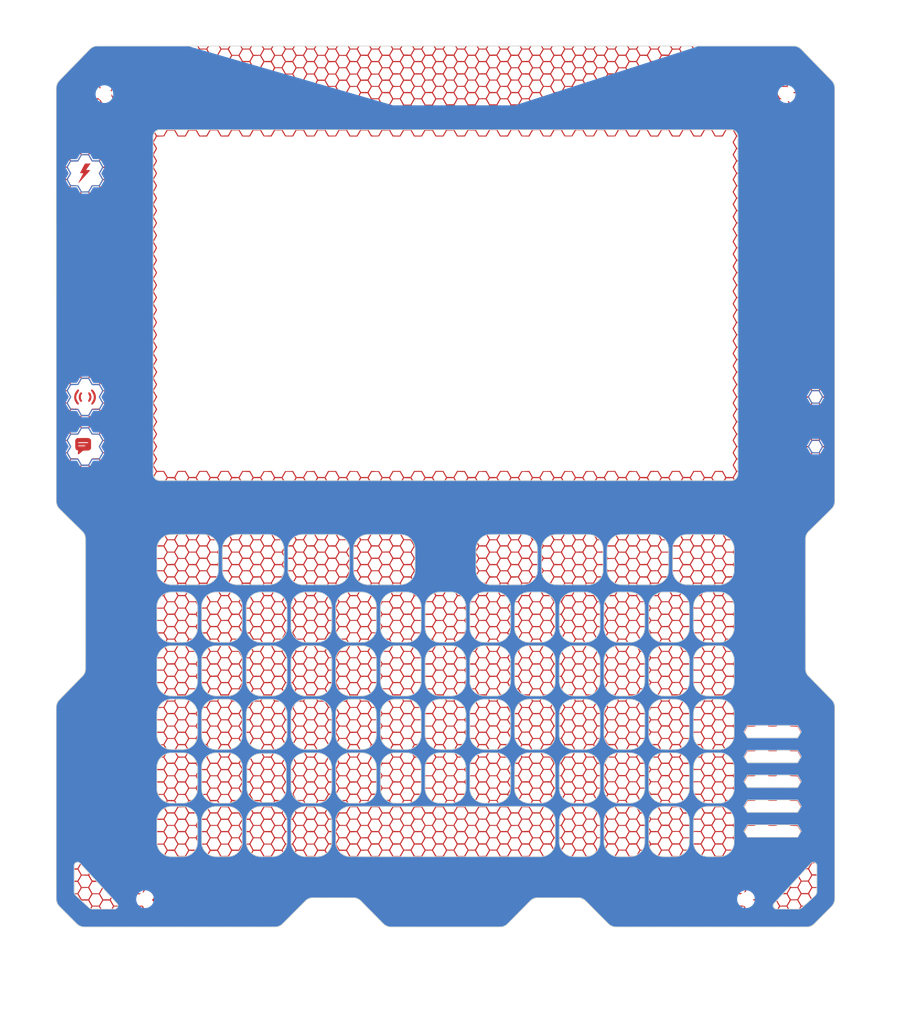
<source format=kicad_pcb>
(kicad_pcb (version 20240108) (generator "pcbnew") (generator_version "8.0")
  (layers (0 "F.Cu" signal) (31 "B.Cu" signal) (34 "B.Paste" user) (35 "F.Paste" user) (36 "B.SilkS" user "B.Silkscreen") (37 "F.SilkS" user "F.Silkscreen") (38 "B.Mask" user) (39 "F.Mask" user) (44 "Edge.Cuts" user))
  (net 0 "")
  (footprint "MountingHole:MountingHole_2.1mm" (layer "F.Cu") (at -50.35 -57.85)
    (property "Reference" "H5" (hide yes))
    (property "Value" "Mounting hole" (hide yes))
    (pad "" np_thru_hole circle (at 0 0) (size 2.1 2.1) (drill 2.1) (layers "*.Cu" "*.Mask"))
  )
  (footprint "MountingHole:MountingHole_2.1mm" (layer "F.Cu") (at 50.35 -57.85 90)
    (property "Reference" "H6" (hide yes))
    (property "Value" "Mounting hole" (hide yes))
    (pad "" np_thru_hole circle (at 0 0 90) (size 2.1 2.1) (drill 2.1) (layers "*.Cu" "*.Mask"))
  )
  (footprint "MountingHole:MountingHole_2.1mm" (layer "F.Cu") (at 44.35 60.85)
    (property "Reference" "H8" (hide yes))
    (property "Value" "Mounting hole" (hide yes))
    (pad "" np_thru_hole circle (at 0 0) (size 2.1 2.1) (drill 2.1) (layers "*.Cu" "*.Mask"))
  )
  (footprint "design:frontpanel_honeycomb" (layer "F.Cu") (at 0 0)
    (property "Reference" "N1" (hide yes))
    (property "Value" "Board" (hide yes))
    (fp_poly (pts (xy 50.056426 -5.779681) (xy 50.165832 -5.724384) (xy 50.20728 -5.640768) (xy 50.207333 -5.637311) (xy 50.17484 -5.535266) (xy 50.074803 -5.477356) (xy 49.9237 -5.461) (xy 49.741667 -5.461) (xy 49.741667 -5.630333) (xy 49.746093 -5.738743) (xy 49.773883 -5.786919) (xy 49.846804 -5.799281) (xy 49.892616 -5.799667) (xy 50.056426 -5.779681)) (stroke (width 0.01)) (fill solid) (layer "F.Cu"))
    (fp_poly (pts (xy 50.026132 -6.327822) (xy 50.129112 -6.267224) (xy 50.165 -6.180667) (xy 50.126552 -6.091439) (xy 50.021502 -6.032035) (xy 49.87145 -6.011333) (xy 49.788258 -6.017773) (xy 49.751277 -6.053289) (xy 49.741887 -6.142175) (xy 49.741667 -6.180667) (xy 49.746602 -6.289211) (xy 49.773823 -6.337461) (xy 49.841948 -6.349712) (xy 49.87145 -6.35) (xy 50.026132 -6.327822)) (stroke (width 0.01)) (fill solid) (layer "F.Cu"))
    (fp_poly (pts (xy 49.952826 -13.518264) (xy 49.979144 -13.466122) (xy 50.020293 -13.36375) (xy 50.065201 -13.241528) (xy 50.102795 -13.129831) (xy 50.122005 -13.059038) (xy 50.122667 -13.052292) (xy 50.085062 -13.043755) (xy 49.991135 -13.039011) (xy 49.953333 -13.038667) (xy 49.829199 -13.051917) (xy 49.784155 -13.091334) (xy 49.784 -13.094626) (xy 49.797125 -13.178803) (xy 49.829884 -13.288381) (xy 49.872358 -13.398463) (xy 49.914623 -13.484151) (xy 49.946758 -13.52055) (xy 49.952826 -13.518264)) (stroke (width 0.01)) (fill solid) (layer "F.Cu"))
    (fp_poly (pts (xy -52.541289 -13.860001) (xy -52.444981 -13.774093) (xy -52.365182 -13.636227) (xy -52.306433 -13.462596) (xy -52.273276 -13.269391) (xy -52.270254 -13.072803) (xy -52.301908 -12.889025) (xy -52.342942 -12.784667) (xy -52.44938 -12.612591) (xy -52.554013 -12.509986) (xy -52.650456 -12.481404) (xy -52.719111 -12.516556) (xy -52.745594 -12.587126) (xy -52.722264 -12.703653) (xy -52.647146 -12.875549) (xy -52.641323 -12.887091) (xy -52.56832 -13.049946) (xy -52.542586 -13.179801) (xy -52.564309 -13.309663) (xy -52.633677 -13.47254) (xy -52.644794 -13.495034) (xy -52.719013 -13.673989) (xy -52.733828 -13.795855) (xy -52.689279 -13.863836) (xy -52.649564 -13.87776) (xy -52.541289 -13.860001)) (stroke (width 0.01)) (fill solid) (layer "F.Cu"))
    (fp_poly (pts (xy -53.680147 -13.839982) (xy -53.644561 -13.769891) (xy -53.679056 -13.657589) (xy -53.728527 -13.578662) (xy -53.790524 -13.467095) (xy -53.820313 -13.336355) (xy -53.826833 -13.186833) (xy -53.817295 -13.013276) (xy -53.782859 -12.888027) (xy -53.728527 -12.795005) (xy -53.668507 -12.688732) (xy -53.643295 -12.59856) (xy -53.644222 -12.583339) (xy -53.692144 -12.52318) (xy -53.782319 -12.496445) (xy -53.877027 -12.508765) (xy -53.924129 -12.541547) (xy -54.016484 -12.693586) (xy -54.091697 -12.89101) (xy -54.136514 -13.094627) (xy -54.143404 -13.189826) (xy -54.117403 -13.405487) (xy -54.030834 -13.628539) (xy -54.027917 -13.634326) (xy -53.956903 -13.764148) (xy -53.899351 -13.833662) (xy -53.836332 -13.860783) (xy -53.78508 -13.864167) (xy -53.680147 -13.839982)) (stroke (width 0.01)) (fill solid) (layer "F.Cu"))
    (fp_poly (pts (xy -52.127828 -14.273824) (xy -52.020768 -14.183197) (xy -51.902998 -14.041835) (xy -51.786376 -13.863045) (xy -51.729425 -13.758333) (xy -51.645938 -13.518266) (xy -51.609787 -13.24008) (xy -51.622342 -12.956758) (xy -51.684974 -12.701283) (xy -51.685466 -12.7) (xy -51.781508 -12.488122) (xy -51.890662 -12.309018) (xy -52.003649 -12.172601) (xy -52.111189 -12.088783) (xy -52.204004 -12.067477) (xy -52.253445 -12.093222) (xy -52.281642 -12.177038) (xy -52.251196 -12.296875) (xy -52.177963 -12.418279) (xy -52.007214 -12.70389) (xy -51.919005 -12.999669) (xy -51.913158 -13.298173) (xy -51.989497 -13.591963) (xy -52.147843 -13.873598) (xy -52.214653 -13.958575) (xy -52.294331 -14.085244) (xy -52.315155 -14.195745) (xy -52.277236 -14.273609) (xy -52.212322 -14.300407) (xy -52.127828 -14.273824)) (stroke (width 0.01)) (fill solid) (layer "F.Cu"))
    (fp_poly (pts (xy -54.140975 -14.275075) (xy -54.106017 -14.231506) (xy -54.0946 -14.174647) (xy -54.119359 -14.094893) (xy -54.187042 -13.975698) (xy -54.248433 -13.882256) (xy -54.411873 -13.597277) (xy -54.499473 -13.335821) (xy -54.513844 -13.089565) (xy -54.509376 -13.04995) (xy -54.459932 -12.86323) (xy -54.366513 -12.649496) (xy -54.244797 -12.441815) (xy -54.177149 -12.349225) (xy -54.116801 -12.255279) (xy -54.115171 -12.18557) (xy -54.128883 -12.158725) (xy -54.210046 -12.084076) (xy -54.307494 -12.09236) (xy -54.417298 -12.179063) (xy -54.493685 -12.278879) (xy -54.584338 -12.423582) (xy -54.664611 -12.57211) (xy -54.739826 -12.737684) (xy -54.781165 -12.877193) (xy -54.798096 -13.031941) (xy -54.8005 -13.164777) (xy -54.793999 -13.357555) (xy -54.768227 -13.508861) (xy -54.71378 -13.661309) (xy -54.669513 -13.758333) (xy -54.564044 -13.952676) (xy -54.449943 -14.11788) (xy -54.339233 -14.239437) (xy -54.243935 -14.302837) (xy -54.213505 -14.308667) (xy -54.140975 -14.275075)) (stroke (width 0.01)) (fill solid) (layer "F.Cu"))
    (fp_poly (pts (xy -52.722059 -47.159842) (xy -52.840301 -46.986244) (xy -52.938979 -46.838673) (xy -53.009249 -46.730561) (xy -53.042268 -46.675339) (xy -53.043667 -46.671426) (xy -53.004908 -46.661522) (xy -52.90291 -46.654346) (xy -52.759091 -46.651349) (xy -52.747333 -46.651333) (xy -52.601267 -46.648025) (xy -52.495429 -46.639317) (xy -52.451233 -46.627038) (xy -52.451 -46.626033) (xy -52.478382 -46.58946) (xy -52.554788 -46.500291) (xy -52.671612 -46.367956) (xy -52.820244 -46.201883) (xy -52.992077 -46.011501) (xy -53.178504 -45.806237) (xy -53.370915 -45.595521) (xy -53.560703 -45.388781) (xy -53.73926 -45.195446) (xy -53.897978 -45.024943) (xy -54.028249 -44.886702) (xy -54.121465 -44.790151) (xy -54.167492 -44.745926) (xy -54.172641 -44.76183) (xy -54.142466 -44.842503) (xy -54.081493 -44.978011) (xy -53.994246 -45.158421) (xy -53.88525 -45.373799) (xy -53.853933 -45.43425) (xy -53.462851 -46.185667) (xy -53.697759 -46.185667) (xy -53.825928 -46.19115) (xy -53.91125 -46.205306) (xy -53.932667 -46.219295) (xy -53.913803 -46.265852) (xy -53.861416 -46.374568) (xy -53.781809 -46.532887) (xy -53.681289 -46.728254) (xy -53.576573 -46.928378) (xy -53.220479 -47.603833) (xy -52.810465 -47.615999) (xy -52.400452 -47.628165) (xy -52.722059 -47.159842)) (stroke (width 0.01)) (fill solid) (layer "F.Cu"))
    (fp_poly (pts (xy -53.036307 -7.150814) (xy -52.847941 -7.144939) (xy -52.708961 -7.131739) (xy -52.607622 -7.109742) (xy -52.532182 -7.077476) (xy -52.470895 -7.033469) (xy -52.434578 -6.999366) (xy -52.392512 -6.954837) (xy -52.362749 -6.909351) (xy -52.343161 -6.848274) (xy -52.33162 -6.756974) (xy -52.325998 -6.620819) (xy -52.324166 -6.425175) (xy -52.324 -6.239062) (xy -52.324 -5.589336) (xy -52.446798 -5.451901) (xy -52.502922 -5.391913) (xy -52.555693 -5.35197) (xy -52.623685 -5.327246) (xy -52.725472 -5.312917) (xy -52.879627 -5.304156) (xy -53.037462 -5.298452) (xy -53.505327 -5.282438) (xy -53.821147 -5.011886) (xy -53.983568 -4.875781) (xy -54.095943 -4.791266) (xy -54.170115 -4.752155) (xy -54.217931 -4.752265) (xy -54.251236 -4.785411) (xy -54.252146 -4.786869) (xy -54.262997 -4.851876) (xy -54.260551 -4.969702) (xy -54.251817 -5.060286) (xy -54.223345 -5.288168) (xy -54.368807 -5.348945) (xy -54.470538 -5.397775) (xy -54.544682 -5.455456) (xy -54.595542 -5.535382) (xy -54.627419 -5.650948) (xy -54.644615 -5.815548) (xy -54.649857 -5.990167) (xy -54.271333 -5.990167) (xy -54.259277 -5.964149) (xy -54.214893 -5.946167) (xy -54.125858 -5.93485) (xy -53.979849 -5.92883) (xy -53.764544 -5.926737) (xy -53.699833 -5.926667) (xy -53.465676 -5.928006) (xy -53.303833 -5.932938) (xy -53.201981 -5.942831) (xy -53.147799 -5.959054) (xy -53.128964 -5.982977) (xy -53.128333 -5.990167) (xy -53.14039 -6.016184) (xy -53.184774 -6.034167) (xy -53.273809 -6.045484) (xy -53.419818 -6.051504) (xy -53.635123 -6.053597) (xy -53.699833 -6.053667) (xy -53.933991 -6.052327) (xy -54.095834 -6.047396) (xy -54.197686 -6.037503) (xy -54.251868 -6.02128) (xy -54.270703 -5.997357) (xy -54.271333 -5.990167) (xy -54.649857 -5.990167) (xy -54.651431 -6.042576) (xy -54.652333 -6.231752) (xy -54.652333 -6.466417) (xy -54.263274 -6.466417) (xy -54.262605 -6.440416) (xy -54.241816 -6.4213) (xy -54.189947 -6.408022) (xy -54.09604 -6.399534) (xy -53.949133 -6.394789) (xy -53.738268 -6.392739) (xy -53.488167 -6.392333) (xy -53.211221 -6.392866) (xy -53.00798 -6.395163) (xy -52.867483 -6.400271) (xy -52.778771 -6.409237) (xy -52.730884 -6.42311) (xy -52.712863 -6.442937) (xy -52.713059 -6.466417) (xy -52.724831 -6.492925) (xy -52.756134 -6.512279) (xy -52.81854 -6.525585) (xy -52.923624 -6.533948) (xy -53.082961 -6.538475) (xy -53.308124 -6.540272) (xy -53.488167 -6.5405) (xy -53.760537 -6.539851) (xy -53.959819 -6.537166) (xy -54.097588 -6.531339) (xy -54.185417 -6.521264) (xy -54.23488 -6.505834) (xy -54.257553 -6.483943) (xy -54.263274 -6.466417) (xy -54.652333 -6.466417) (xy -54.652333 -6.856664) (xy -54.528899 -6.994916) (xy -54.405464 -7.133167) (xy -53.60817 -7.14648) (xy -53.285802 -7.150837) (xy -53.036307 -7.150814)) (stroke (width 0.01)) (fill solid) (layer "F.Cu"))
    (fp_poly (pts (xy -0.061428 -64.930206) (xy -0.065555 -64.881641) (xy -0.104629 -64.784577) (xy -0.151446 -64.694205) (xy -0.268763 -64.485503) (xy -0.036329 -64.088002) (xy 0.196105 -63.6905) (xy 1.201944 -63.6905) (xy 1.432469 -64.090465) (xy 1.662993 -64.490431) (xy 1.547061 -64.696669) (xy 1.488198 -64.813783) (xy 1.457607 -64.900211) (xy 1.458428 -64.930206) (xy 1.51566 -64.935578) (xy 1.594646 -64.878399) (xy 1.679612 -64.77201) (xy 1.7145 -64.713645) (xy 1.799167 -64.558562) (xy 2.286073 -64.558448) (xy 2.772979 -64.558333) (xy 2.874039 -64.748833) (xy 2.959376 -64.878635) (xy 3.037258 -64.936974) (xy 3.053883 -64.939333) (xy 3.106559 -64.935985) (xy 3.125439 -64.91494) (xy 3.10821 -64.859696) (xy 3.052554 -64.753752) (xy 3.019513 -64.694377) (xy 2.90636 -64.49171) (xy 3.13593 -64.081447) (xy 3.3655 -63.671183) (xy 3.861532 -63.670258) (xy 4.357563 -63.669334) (xy 4.596464 -64.075259) (xy 4.835364 -64.481185) (xy 4.724848 -64.684238) (xy 4.653986 -64.818281) (xy 4.622487 -64.894835) (xy 4.627517 -64.929818) (xy 4.666246 -64.939144) (xy 4.679462 -64.939333) (xy 4.736891 -64.905644) (xy 4.812812 -64.81942) (xy 4.859379 -64.750172) (xy 4.974167 -64.56101) (xy 5.928751 -64.558334) (xy 6.043817 -64.748834) (xy 6.126506 -64.862995) (xy 6.202968 -64.929795) (xy 6.233275 -64.939334) (xy 6.283359 -64.935819) (xy 6.300681 -64.914333) (xy 6.282593 -64.858457) (xy 6.226447 -64.751775) (xy 6.193463 -64.692496) (xy 6.079259 -64.487947) (xy 6.309879 -64.078553) (xy 6.5405 -63.669159) (xy 7.042638 -63.67983) (xy 7.544777 -63.6905) (xy 7.775457 -64.089726) (xy 8.006137 -64.488951) (xy 7.897735 -64.688121) (xy 7.827636 -64.820904) (xy 7.797033 -64.896343) (xy 7.803131 -64.930443) (xy 7.843136 -64.939211) (xy 7.853875 -64.939333) (xy 7.910798 -64.905611) (xy 7.986357 -64.819247) (xy 8.033484 -64.748834) (xy 8.14855 -64.558334) (xy 9.093892 -64.558334) (xy 9.214196 -64.748758) (xy 9.297239 -64.859216) (xy 9.374671 -64.927333) (xy 9.408583 -64.939258) (xy 9.459719 -64.932487) (xy 9.473141 -64.902089) (xy 9.446022 -64.833152) (xy 9.375535 -64.71076) (xy 9.360621 -64.68617) (xy 9.245231 -64.496506) (xy 9.480366 -64.083355) (xy 9.7155 -63.670204) (xy 10.2089 -63.669769) (xy 10.702301 -63.669333) (xy 10.938885 -64.073432) (xy 11.175468 -64.47753) (xy 11.069901 -64.685858) (xy 11.003271 -64.820192) (xy 10.972985 -64.896062) (xy 10.976345 -64.930131) (xy 11.010655 -64.939062) (xy 11.028875 -64.939333) (xy 11.085798 -64.905611) (xy 11.161357 -64.819247) (xy 11.208484 -64.748833) (xy 11.32355 -64.558333) (xy 12.273097 -64.558333) (xy 12.384738 -64.748833) (xy 12.480536 -64.881791) (xy 12.565525 -64.937805) (xy 12.580202 -64.939333) (xy 12.623307 -64.933921) (xy 12.63351 -64.906352) (xy 12.607878 -64.839633) (xy 12.543477 -64.716766) (xy 12.540995 -64.712181) (xy 12.417964 -64.485029) (xy 12.654232 -64.077756) (xy 12.8905 -63.670484) (xy 13.385227 -63.669909) (xy 13.879954 -63.669333) (xy 14.11354 -64.080317) (xy 14.347125 -64.4913) (xy 14.218956 -64.715317) (xy 14.150528 -64.838353) (xy 14.122319 -64.905494) (xy 14.131161 -64.933548) (xy 14.173891 -64.939328) (xy 14.176775 -64.939333) (xy 14.262812 -64.897544) (xy 14.360083 -64.772651) (xy 14.374405 -64.748833) (xy 14.486045 -64.558333) (xy 15.443621 -64.558333) (xy 15.555262 -64.748833) (xy 15.653605 -64.884886) (xy 15.741148 -64.938359) (xy 15.753825 -64.939333) (xy 15.798824 -64.934519) (xy 15.810342 -64.908796) (xy 15.785363 -64.845242) (xy 15.720874 -64.726937) (xy 15.713705 -64.714224) (xy 15.58666 -64.489114) (xy 16.064078 -63.669334) (xy 16.55758 -63.669334) (xy 17.051082 -63.669333) (xy 17.519768 -64.494833) (xy 17.392777 -64.717083) (xy 17.324783 -64.839524) (xy 17.296991 -64.906115) (xy 17.306286 -64.933752) (xy 17.349549 -64.93933) (xy 17.351775 -64.939333) (xy 17.437812 -64.897544) (xy 17.535083 -64.772651) (xy 17.549405 -64.748833) (xy 17.661045 -64.558333) (xy 18.618621 -64.558333) (xy 18.730262 -64.748833) (xy 18.829032 -64.885184) (xy 18.916669 -64.938529) (xy 18.927891 -64.939333) (xy 18.972359 -64.93425) (xy 18.982974 -64.907737) (xy 18.956619 -64.842899) (xy 18.890178 -64.722841) (xy 18.886889 -64.717083) (xy 18.759898 -64.494833) (xy 19.228584 -63.669333) (xy 20.218581 -63.669333) (xy 20.456124 -64.078639) (xy 20.693666 -64.487944) (xy 20.566292 -64.713639) (xy 20.498298 -64.837411) (xy 20.470056 -64.905017) (xy 20.47854 -64.933353) (xy 20.520719 -64.939317) (xy 20.525841 -64.939333) (xy 20.611824 -64.898545) (xy 20.708411 -64.775365) (xy 20.724405 -64.748833) (xy 20.836045 -64.558333) (xy 21.793621 -64.558333) (xy 21.905262 -64.748833) (xy 22.004032 -64.885184) (xy 22.091669 -64.938529) (xy 22.102891 -64.939333) (xy 22.14719 -64.934209) (xy 22.157753 -64.907626) (xy 22.131415 -64.842774) (xy 22.065012 -64.722839) (xy 22.060734 -64.715357) (xy 21.932587 -64.49138) (xy 22.168239 -64.080357) (xy 22.403891 -63.669333) (xy 23.392195 -63.669333) (xy 23.628654 -64.081787) (xy 23.865112 -64.494241) (xy 23.739515 -64.716787) (xy 23.672138 -64.839473) (xy 23.644553 -64.906106) (xy 23.653802 -64.933714) (xy 23.696925 -64.939325) (xy 23.700841 -64.939333) (xy 23.786824 -64.898545) (xy 23.883411 -64.775365) (xy 23.899405 -64.748833) (xy 24.011045 -64.558334) (xy 24.483272 -64.558409) (xy 24.9555 -64.558485) (xy 25.075804 -64.748909) (xy 25.153957 -64.856126) (xy 25.224305 -64.925194) (xy 25.25572 -64.939333) (xy 25.302148 -64.927414) (xy 25.308128 -64.882643) (xy 25.271344 -64.791496) (xy 25.21112 -64.678873) (xy 25.106907 -64.492416) (xy 25.34081 -64.080875) (xy 25.574712 -63.669333) (xy 26.069439 -63.669909) (xy 26.564167 -63.670484) (xy 26.800434 -64.077756) (xy 27.036702 -64.485029) (xy 26.913672 -64.712181) (xy 26.8481 -64.836934) (xy 26.821382 -64.905047) (xy 26.830584 -64.933514) (xy 26.872773 -64.939331) (xy 26.874464 -64.939333) (xy 26.956782 -64.898699) (xy 27.050902 -64.780152) (xy 27.069928 -64.748833) (xy 27.181569 -64.558334) (xy 27.656343 -64.558334) (xy 28.131116 -64.558333) (xy 28.246183 -64.748833) (xy 28.322775 -64.856722) (xy 28.393742 -64.925769) (xy 28.425791 -64.939333) (xy 28.470001 -64.93515) (xy 28.484178 -64.91149) (xy 28.465626 -64.851691) (xy 28.411646 -64.739088) (xy 28.384766 -64.685858) (xy 28.279198 -64.47753) (xy 28.515782 -64.073432) (xy 28.752365 -63.669333) (xy 29.245766 -63.669769) (xy 29.739167 -63.670204) (xy 30.209435 -64.496506) (xy 30.094045 -64.68617) (xy 30.016622 -64.818122) (xy 29.983008 -64.894328) (xy 29.990393 -64.929716) (xy 30.035966 -64.939218) (xy 30.046391 -64.939333) (xy 30.112214 -64.904167) (xy 30.194158 -64.81169) (xy 30.235849 -64.748833) (xy 30.350915 -64.558333) (xy 30.828208 -64.559672) (xy 31.3055 -64.56101) (xy 31.420288 -64.750172) (xy 31.497074 -64.857595) (xy 31.568351 -64.926132) (xy 31.600204 -64.939333) (xy 31.646429 -64.93351) (xy 31.659171 -64.905366) (xy 31.635673 -64.838886) (xy 31.573177 -64.718057) (xy 31.556931 -64.688121) (xy 31.448529 -64.488951) (xy 31.67921 -64.089726) (xy 31.90989 -63.6905) (xy 32.412028 -63.67983) (xy 32.914167 -63.669159) (xy 33.375407 -64.487947) (xy 33.261204 -64.692496) (xy 33.18941 -64.823583) (xy 33.156712 -64.897427) (xy 33.160463 -64.930443) (xy 33.198015 -64.939049) (xy 33.221391 -64.939333) (xy 33.287214 -64.904167) (xy 33.369158 -64.81169) (xy 33.410849 -64.748833) (xy 33.525915 -64.558333) (xy 34.003208 -64.559672) (xy 34.4805 -64.56101) (xy 34.595288 -64.750172) (xy 34.672074 -64.857595) (xy 34.743351 -64.926132) (xy 34.775204 -64.939333) (xy 34.821497 -64.933583) (xy 34.834017 -64.905751) (xy 34.809798 -64.839968) (xy 34.745875 -64.720367) (xy 34.728503 -64.689371) (xy 34.616673 -64.490431) (xy 34.847198 -64.090465) (xy 35.077722 -63.6905) (xy 36.087325 -63.6905) (xy 36.318888 -64.089186) (xy 36.55045 -64.487871) (xy 36.436225 -64.692458) (xy 36.364424 -64.823558) (xy 36.331717 -64.897413) (xy 36.335457 -64.930438) (xy 36.372995 -64.939048) (xy 36.396391 -64.939333) (xy 36.462214 -64.904167) (xy 36.544158 -64.81169) (xy 36.585849 -64.748833) (xy 36.700915 -64.558333) (xy 37.655645 -64.558333) (xy 37.756705 -64.748833) (xy 37.842043 -64.878635) (xy 37.919925 -64.936974) (xy 37.936549 -64.939333) (xy 37.990533 -64.934512) (xy 38.008596 -64.909366) (xy 37.988619 -64.847868) (xy 37.928483 -64.733993) (xy 37.903503 -64.689371) (xy 37.791673 -64.490431) (xy 38.02211 -64.090465) (xy 38.252546 -63.6905) (xy 38.745608 -63.678592) (xy 39.238671 -63.666684) (xy 39.480352 -64.077335) (xy 39.722033 -64.487987) (xy 39.609517 -64.688149) (xy 39.537212 -64.820421) (xy 39.505622 -64.895671) (xy 39.512597 -64.929889) (xy 39.555992 -64.939071) (xy 39.575784 -64.939333) (xy 39.650602 -64.899489) (xy 39.734932 -64.786005) (xy 39.755628 -64.748834) (xy 39.856688 -64.558334) (xy 40.334053 -64.558334) (xy 40.811418 -64.558333) (xy 40.926484 -64.748833) (xy 41.009173 -64.862995) (xy 41.085634 -64.929795) (xy 41.115942 -64.939333) (xy 41.166042 -64.935814) (xy 41.183353 -64.914308) (xy 41.165232 -64.858389) (xy 41.109037 -64.751635) (xy 41.076264 -64.692736) (xy 40.962194 -64.488427) (xy 41.195483 -64.089464) (xy 41.428772 -63.6905) (xy 42.427277 -63.6905) (xy 42.659987 -64.092667) (xy 42.892697 -64.494833) (xy 42.782349 -64.691573) (xy 42.710918 -64.822842) (xy 42.679797 -64.897247) (xy 42.686076 -64.930728) (xy 42.726845 -64.939227) (xy 42.737129 -64.939333) (xy 42.794558 -64.905644) (xy 42.870479 -64.81942) (xy 42.917045 -64.750172) (xy 43.031833 -64.56101) (xy 43.509125 -64.559672) (xy 43.986418 -64.558333) (xy 44.101484 -64.748833) (xy 44.189552 -64.869677) (xy 44.26899 -64.93336) (xy 44.294469 -64.939333) (xy 44.352123 -64.925506) (xy 44.357299 -64.907583) (xy 44.330688 -64.854276) (xy 44.279226 -64.752855) (xy 44.242375 -64.680662) (xy 44.14254 -64.485491) (xy 44.370353 -64.078337) (xy 44.598167 -63.671183) (xy 45.091567 -63.670258) (xy 45.584968 -63.669333) (xy 45.824631 -64.078692) (xy 46.064294 -64.48805) (xy 45.955647 -64.687671) (xy 45.885459 -64.820593) (xy 45.854768 -64.896153) (xy 45.860807 -64.930355) (xy 45.900808 -64.939199) (xy 45.912129 -64.939334) (xy 45.969558 -64.905644) (xy 46.045479 -64.81942) (xy 46.092045 -64.750172) (xy 46.206833 -64.56101) (xy 46.681299 -64.559672) (xy 47.155764 -64.558333) (xy 47.267405 -64.748833) (xy 47.36251 -64.880987) (xy 47.446924 -64.937599) (xy 47.462376 -64.939333) (xy 47.505599 -64.933902) (xy 47.515592 -64.906139) (xy 47.489525 -64.838839) (xy 47.425797 -64.717083) (xy 47.305888 -64.494833) (xy 47.539527 -64.082519) (xy 47.773167 -63.670204) (xy 48.268189 -63.669769) (xy 48.763212 -63.669333) (xy 48.99945 -64.086565) (xy 49.235689 -64.503797) (xy 49.129354 -64.689815) (xy 49.057366 -64.821809) (xy 49.028503 -64.897442) (xy 49.040205 -64.931637) (xy 49.086542 -64.939334) (xy 49.143464 -64.905611) (xy 49.219024 -64.819247) (xy 49.26615 -64.748834) (xy 49.381217 -64.558333) (xy 50.326288 -64.558333) (xy 50.437928 -64.748833) (xy 50.536272 -64.884886) (xy 50.623815 -64.938359) (xy 50.636492 -64.939333) (xy 50.681745 -64.934571) (xy 50.693295 -64.908923) (xy 50.668189 -64.84535) (xy 50.603474 -64.726815) (xy 50.59797 -64.717056) (xy 50.472524 -64.494778) (xy 50.710345 -64.082932) (xy 50.948167 -63.671085) (xy 51.439544 -63.670209) (xy 51.930922 -63.669333) (xy 52.177928 -64.092667) (xy 52.277775 -64.259375) (xy 52.364013 -64.395173) (xy 52.427068 -64.485517) (xy 52.456635 -64.516) (xy 52.501793 -64.495992) (xy 52.505207 -64.431449) (xy 52.464841 -64.315598) (xy 52.37866 -64.141662) (xy 52.302926 -64.004505) (xy 52.063135 -63.581) (xy 52.30388 -63.1595) (xy 52.544626 -62.738) (xy 53.502071 -62.738) (xy 53.635685 -62.955151) (xy 53.716758 -63.076528) (xy 53.772431 -63.130845) (xy 53.813236 -63.127704) (xy 53.81918 -63.12242) (xy 53.8394 -63.07275) (xy 53.818813 -62.989799) (xy 53.759124 -62.866371) (xy 53.649188 -62.660203) (xy 53.888097 -62.244018) (xy 54.127005 -61.827833) (xy 54.610761 -61.815776) (xy 54.832736 -61.808484) (xy 54.995445 -61.792006) (xy 55.117103 -61.755166) (xy 55.215926 -61.686786) (xy 55.310128 -61.575693) (xy 55.417925 -61.410709) (xy 55.505338 -61.266917) (xy 55.607911 -61.102126) (xy 55.682663 -60.998322) (xy 55.742203 -60.942104) (xy 55.799141 -60.92007) (xy 55.833947 -60.917667) (xy 55.950724 -60.887664) (xy 56.028167 -60.833) (xy 56.070444 -60.781462) (xy 56.064673 -60.756723) (xy 55.99715 -60.748949) (xy 55.910197 -60.748333) (xy 55.715605 -60.748333) (xy 55.480303 -60.34852) (xy 55.385134 -60.184688) (xy 55.308425 -60.048588) (xy 55.258994 -59.95613) (xy 55.245 -59.923968) (xy 55.264848 -59.87954) (xy 55.318768 -59.777474) (xy 55.398325 -59.633354) (xy 55.486855 -59.477115) (xy 55.72871 -59.055) (xy 56.667488 -59.055) (xy 56.847505 -59.3714) (xy 56.952611 -59.550609) (xy 57.027062 -59.661568) (xy 57.077975 -59.711798) (xy 57.112467 -59.708821) (xy 57.13302 -59.673188) (xy 57.125133 -59.608219) (xy 57.082373 -59.492208) (xy 57.013171 -59.346867) (xy 56.988128 -59.300088) (xy 56.81848 -58.9915) (xy 57.058323 -58.579325) (xy 57.188299 -58.36791) (xy 57.288719 -58.230845) (xy 57.358303 -58.169813) (xy 57.37225 -58.166575) (xy 57.434664 -58.131633) (xy 57.446333 -58.081333) (xy 57.416113 -58.009938) (xy 57.370415 -57.996667) (xy 57.308298 -57.959094) (xy 57.216949 -57.84556) (xy 57.095415 -57.65484) (xy 57.067026 -57.606681) (xy 56.973504 -57.442433) (xy 56.898637 -57.303502) (xy 56.851417 -57.207048) (xy 56.839555 -57.172731) (xy 56.859824 -57.120018) (xy 56.914637 -57.011788) (xy 56.99501 -56.865142) (xy 57.068419 -56.737217) (xy 57.196491 -56.530825) (xy 57.294905 -56.400353) (xy 57.362741 -56.346992) (xy 57.371808 -56.345667) (xy 57.434613 -56.311527) (xy 57.446333 -56.261) (xy 57.416256 -56.18954) (xy 57.37225 -56.176012) (xy 57.324417 -56.141156) (xy 57.249368 -56.048972) (xy 57.158196 -55.917634) (xy 57.061994 -55.765318) (xy 56.971853 -55.6102) (xy 56.898867 -55.470454) (xy 56.854129 -55.364257) (xy 56.846438 -55.314458) (xy 56.884488 -55.224898) (xy 56.95415 -55.09547) (xy 57.043667 -54.944603) (xy 57.141279 -54.79073) (xy 57.235228 -54.652282) (xy 57.313754 -54.547689) (xy 57.365099 -54.495384) (xy 57.370558 -54.492941) (xy 57.433326 -54.450606) (xy 57.440732 -54.393907) (xy 57.392351 -54.357456) (xy 57.37225 -54.355565) (xy 57.311545 -54.315945) (xy 57.21979 -54.197676) (xy 57.097052 -54.000849) (xy 57.057278 -53.931912) (xy 56.81639 -53.508694) (xy 57.057278 -53.086989) (xy 57.187045 -52.871715) (xy 57.287335 -52.731552) (xy 57.357081 -52.667932) (xy 57.37225 -52.663976) (xy 57.434279 -52.636727) (xy 57.440026 -52.581303) (xy 57.389914 -52.532397) (xy 57.370558 -52.525726) (xy 57.325507 -52.484881) (xy 57.251083 -52.388451) (xy 57.159053 -52.254851) (xy 57.061184 -52.102496) (xy 56.969242 -51.9498) (xy 56.894997 -51.815178) (xy 56.850213 -51.717045) (xy 56.846438 -51.705525) (xy 56.860542 -51.651639) (xy 56.909471 -51.541695) (xy 56.985162 -51.392634) (xy 57.063042 -51.250442) (xy 57.18677 -51.042589) (xy 57.28128 -50.909588) (xy 57.34926 -50.847866) (xy 57.369959 -50.842333) (xy 57.434365 -50.808786) (xy 57.446333 -50.757667) (xy 57.416071 -50.686268) (xy 57.369959 -50.673) (xy 57.312012 -50.639279) (xy 57.228629 -50.535735) (xy 57.117124 -50.358794) (xy 57.063042 -50.264892) (xy 56.971056 -50.097244) (xy 56.898566 -49.95588) (xy 56.853712 -49.857294) (xy 56.843352 -49.819586) (xy 56.880963 -49.731629) (xy 56.950115 -49.603142) (xy 57.039185 -49.452439) (xy 57.136552 -49.297837) (xy 57.230593 -49.157649) (xy 57.309687 -49.050192) (xy 57.362211 -48.99378) (xy 57.369915 -48.989776) (xy 57.433058 -48.947431) (xy 57.440859 -48.890728) (xy 57.392736 -48.854074) (xy 57.37225 -48.852077) (xy 57.324862 -48.817141) (xy 57.250138 -48.724921) (xy 57.159158 -48.593583) (xy 57.063004 -48.441289) (xy 56.97276 -48.286206) (xy 56.899506 -48.146496) (xy 56.854324 -48.040326) (xy 56.846286 -47.989965) (xy 56.871666 -47.935968) (xy 56.929403 -47.825852) (xy 57.010145 -47.677179) (xy 57.079119 -47.552817) (xy 57.202636 -47.345242) (xy 57.297924 -47.21441) (xy 57.364148 -47.161438) (xy 57.37225 -47.160258) (xy 57.434923 -47.129731) (xy 57.446333 -47.095833) (xy 57.411594 -47.041426) (xy 57.37225 -47.030907) (xy 57.312153 -46.990982) (xy 57.221347 -46.873735) (xy 57.100735 -46.680385) (xy 57.058128 -46.606407) (xy 56.818089 -46.183334) (xy 57.058128 -45.761602) (xy 57.189207 -45.543421) (xy 57.289427 -45.403663) (xy 57.358679 -45.34247) (xy 57.37225 -45.339435) (xy 57.434207 -45.313146) (xy 57.440165 -45.258265) (xy 57.390709 -45.209183) (xy 57.369915 -45.201891) (xy 57.32597 -45.161323) (xy 57.25251 -45.065069) (xy 57.161158 -44.931443) (xy 57.063534 -44.778761) (xy 56.971262 -44.625338) (xy 56.895963 -44.489488) (xy 56.849259 -44.389528) (xy 56.843352 -44.372081) (xy 56.858645 -44.322275) (xy 56.908422 -44.215809) (xy 56.984545 -44.069178) (xy 57.063042 -43.926775) (xy 57.18677 -43.718922) (xy 57.28128 -43.585922) (xy 57.34926 -43.5242) (xy 57.369959 -43.518667) (xy 57.434365 -43.485119) (xy 57.446333 -43.434) (xy 57.416071 -43.362601) (xy 57.369959 -43.349334) (xy 57.312012 -43.315613) (xy 57.228629 -43.212069) (xy 57.117124 -43.035127) (xy 57.063042 -42.941225) (xy 56.971056 -42.773578) (xy 56.898566 -42.632213) (xy 56.853712 -42.533627) (xy 56.843352 -42.495919) (xy 56.880963 -42.407962) (xy 56.950115 -42.279475) (xy 57.039185 -42.128773) (xy 57.136552 -41.97417) (xy 57.230593 -41.833983) (xy 57.309687 -41.726525) (xy 57.362211 -41.670113) (xy 57.369915 -41.666109) (xy 57.433037 -41.623795) (xy 57.440888 -41.567144) (xy 57.392886 -41.530549) (xy 57.37225 -41.528565) (xy 57.311433 -41.48896) (xy 57.219744 -41.37085) (xy 57.097374 -41.17449) (xy 57.060014 -41.109698) (xy 56.821862 -40.691266) (xy 57.060014 -40.264261) (xy 57.189129 -40.044741) (xy 57.287949 -39.903611) (xy 57.356858 -39.840346) (xy 57.37225 -39.836461) (xy 57.434917 -39.806052) (xy 57.446333 -39.772167) (xy 57.411594 -39.717759) (xy 57.37225 -39.70724) (xy 57.312153 -39.667316) (xy 57.221347 -39.550068) (xy 57.100735 -39.356718) (xy 57.058128 -39.28274) (xy 56.818089 -38.859667) (xy 57.058128 -38.437936) (xy 57.189207 -38.219754) (xy 57.289427 -38.079996) (xy 57.358679 -38.018804) (xy 57.37225 -38.015769) (xy 57.434207 -37.989479) (xy 57.440165 -37.934598) (xy 57.390709 -37.885517) (xy 57.369915 -37.878225) (xy 57.32597 -37.837657) (xy 57.25251 -37.741402) (xy 57.161158 -37.607777) (xy 57.063534 -37.455095) (xy 56.971262 -37.301671) (xy 56.895963 -37.165822) (xy 56.849259 -37.065861) (xy 56.843352 -37.048414) (xy 56.858645 -36.998608) (xy 56.908422 -36.892142) (xy 56.984545 -36.745512) (xy 57.063042 -36.603108) (xy 57.18677 -36.395256) (xy 57.28128 -36.262255) (xy 57.34926 -36.200533) (xy 57.369959 -36.195) (xy 57.434365 -36.161452) (xy 57.446333 -36.110333) (xy 57.416071 -36.038934) (xy 57.369959 -36.025667) (xy 57.312012 -35.991946) (xy 57.228629 -35.888402) (xy 57.117124 -35.711461) (xy 57.063042 -35.617559) (xy 56.971056 -35.449911) (xy 56.898566 -35.308546) (xy 56.853712 -35.209961) (xy 56.843352 -35.172253) (xy 56.880963 -35.084296) (xy 56.950115 -34.955808) (xy 57.039185 -34.805106) (xy 57.136552 -34.650503) (xy 57.230593 -34.510316) (xy 57.309687 -34.402859) (xy 57.362211 -34.346446) (xy 57.369915 -34.342442) (xy 57.433037 -34.300128) (xy 57.440888 -34.243478) (xy 57.392886 -34.206882) (xy 57.37225 -34.204898) (xy 57.31151 -34.165283) (xy 57.219775 -34.047062) (xy 57.09715 -33.850379) (xy 57.058128 -33.782731) (xy 56.818089 -33.361) (xy 57.058128 -32.937927) (xy 57.187657 -32.721594) (xy 57.287655 -32.580992) (xy 57.357219 -32.51734) (xy 57.37225 -32.513427) (xy 57.434945 -32.482443) (xy 57.446333 -32.4485) (xy 57.411594 -32.394092) (xy 57.37225 -32.383573) (xy 57.312153 -32.343649) (xy 57.221347 -32.226402) (xy 57.100735 -32.033051) (xy 57.058128 -31.959074) (xy 56.818089 -31.536001) (xy 57.058128 -31.114269) (xy 57.189207 -30.896087) (xy 57.289427 -30.756329) (xy 57.358679 -30.695137) (xy 57.37225 -30.692102) (xy 57.434207 -30.665813) (xy 57.440165 -30.610932) (xy 57.390709 -30.56185) (xy 57.369915 -30.554558) (xy 57.32597 -30.51399) (xy 57.25251 -30.417736) (xy 57.161158 -30.28411) (xy 57.063534 -30.131428) (xy 56.971262 -29.978005) (xy 56.895963 -29.842155) (xy 56.849259 -29.742195) (xy 56.843352 -29.724748) (xy 56.858645 -29.674942) (xy 56.908422 -29.568476) (xy 56.984545 -29.421845) (xy 57.063042 -29.279442) (xy 57.18677 -29.071589) (xy 57.28128 -28.938588) (xy 57.34926 -28.876866) (xy 57.369959 -28.871333) (xy 57.434365 -28.837786) (xy 57.446333 -28.786667) (xy 57.416071 -28.715268) (xy 57.369959 -28.702) (xy 57.312012 -28.668279) (xy 57.228629 -28.564735) (xy 57.117124 -28.387794) (xy 57.063042 -28.293892) (xy 56.971056 -28.126244) (xy 56.898566 -27.98488) (xy 56.853712 -27.886294) (xy 56.843352 -27.848586) (xy 56.880963 -27.760629) (xy 56.950115 -27.632142) (xy 57.039185 -27.481439) (xy 57.136552 -27.326837) (xy 57.230593 -27.186649) (xy 57.309687 -27.079192) (xy 57.362211 -27.02278) (xy 57.369915 -27.018776) (xy 57.433037 -26.976461) (xy 57.440888 -26.919811) (xy 57.392886 -26.883216) (xy 57.37225 -26.881232) (xy 57.31151 -26.841616) (xy 57.219775 -26.723396) (xy 57.09715 -26.526713) (xy 57.058128 -26.459065) (xy 56.818089 -26.037333) (xy 57.058128 -25.61426) (xy 57.187657 -25.397928) (xy 57.287655 -25.257325) (xy 57.357219 -25.193674) (xy 57.37225 -25.18976) (xy 57.434945 -25.158777) (xy 57.446333 -25.124833) (xy 57.41163 -25.070681) (xy 57.37225 -25.060409) (xy 57.310917 -25.020435) (xy 57.220384 -24.902416) (xy 57.101483 -24.707469) (xy 57.079119 -24.66785) (xy 56.987351 -24.50174) (xy 56.911692 -24.36096) (xy 56.861504 -24.263165) (xy 56.846286 -24.2289) (xy 56.858981 -24.164925) (xy 56.909204 -24.052186) (xy 56.985849 -23.908856) (xy 57.07781 -23.753105) (xy 57.173982 -23.603105) (xy 57.263257 -23.477027) (xy 57.334531 -23.393044) (xy 57.37225 -23.368322) (xy 57.434193 -23.342146) (xy 57.440188 -23.287323) (xy 57.390819 -23.238234) (xy 57.369915 -23.230891) (xy 57.324162 -23.18944) (xy 57.249811 -23.091874) (xy 57.15829 -22.95669) (xy 57.061026 -22.80238) (xy 56.969448 -22.64744) (xy 56.894982 -22.510365) (xy 56.849057 -22.409648) (xy 56.839921 -22.373133) (xy 56.860024 -22.321108) (xy 56.914679 -22.213472) (xy 56.994924 -22.067244) (xy 57.068419 -21.939217) (xy 57.196491 -21.732825) (xy 57.294905 -21.602353) (xy 57.362741 -21.548992) (xy 57.371808 -21.547667) (xy 57.434613 -21.513527) (xy 57.446333 -21.463) (xy 57.416194 -21.391452) (xy 57.37225 -21.377798) (xy 57.311702 -21.338545) (xy 57.219838 -21.222263) (xy 57.097603 -21.030202) (xy 57.055963 -20.959394) (xy 56.81376 -20.541527) (xy 57.055963 -20.11469) (xy 57.186225 -19.896991) (xy 57.286704 -19.755278) (xy 57.356593 -19.690648) (xy 57.37225 -19.686427) (xy 57.434945 -19.655443) (xy 57.446333 -19.6215) (xy 57.411667 -19.567597) (xy 57.37225 -19.557565) (xy 57.311603 -19.517937) (xy 57.219814 -19.399588) (xy 57.096891 -19.202526) (xy 57.055863 -19.131436) (xy 56.81356 -18.705742) (xy 57.055863 -18.286068) (xy 57.186475 -18.071682) (xy 57.287292 -17.932288) (xy 57.357241 -17.869312) (xy 57.37225 -17.86553) (xy 57.434359 -17.839039) (xy 57.439978 -17.784217) (xy 57.390126 -17.734872) (xy 57.368075 -17.727077) (xy 57.320816 -17.685157) (xy 57.245286 -17.587124) (xy 57.153013 -17.451592) (xy 57.055526 -17.297177) (xy 56.964352 -17.142495) (xy 56.891019 -17.006161) (xy 56.847055 -16.906791) (xy 56.839555 -16.873613) (xy 56.859842 -16.819951) (xy 56.914703 -16.710909) (xy 56.995138 -16.563698) (xy 57.068419 -16.435883) (xy 57.196491 -16.229492) (xy 57.294905 -16.09902) (xy 57.362741 -16.045658) (xy 57.371808 -16.044333) (xy 57.434613 -16.010194) (xy 57.446333 -15.959667) (xy 57.416113 -15.888271) (xy 57.370415 -15.875) (xy 57.308298 -15.837427) (xy 57.216949 -15.723893) (xy 57.095415 -15.533173) (xy 57.067026 -15.485014) (xy 56.973541 -15.320777) (xy 56.898764 -15.18186) (xy 56.851671 -15.085416) (xy 56.839921 -15.051098) (xy 56.859957 -14.99812) (xy 56.913837 -14.889307) (xy 56.992696 -14.741929) (xy 57.063412 -14.615583) (xy 57.181654 -14.418347) (xy 57.271738 -14.29261) (xy 57.338631 -14.231955) (xy 57.366436 -14.224) (xy 57.433696 -14.191832) (xy 57.446333 -14.139333) (xy 57.416194 -14.067785) (xy 57.37225 -14.054131) (xy 57.311702 -14.014878) (xy 57.219838 -13.898596) (xy 57.097603 -13.706536) (xy 57.055963 -13.635728) (xy 56.81376 -13.21786) (xy 57.055963 -12.791024) (xy 57.186225 -12.573324) (xy 57.286704 -12.431611) (xy 57.356593 -12.366981) (xy 57.37225 -12.36276) (xy 57.434945 -12.331777) (xy 57.446333 -12.297833) (xy 57.411667 -12.24393) (xy 57.37225 -12.233898) (xy 57.311603 -12.19427) (xy 57.219814 -12.075922) (xy 57.096891 -11.87886) (xy 57.055863 -11.807769) (xy 56.81356 -11.382076) (xy 57.055863 -10.962401) (xy 57.186475 -10.748015) (xy 57.287292 -10.608621) (xy 57.357241 -10.545645) (xy 57.37225 -10.541864) (xy 57.434359 -10.515372) (xy 57.439978 -10.46055) (xy 57.390126 -10.411205) (xy 57.368075 -10.40341) (xy 57.320816 -10.361491) (xy 57.245286 -10.263457) (xy 57.153013 -10.127925) (xy 57.055526 -9.97351) (xy 56.964352 -9.818828) (xy 56.891019 -9.682494) (xy 56.847055 -9.583124) (xy 56.839555 -9.549947) (xy 56.859842 -9.496285) (xy 56.914703 -9.387242) (xy 56.995138 -9.240031) (xy 57.068419 -9.112217) (xy 57.196491 -8.905825) (xy 57.294905 -8.775353) (xy 57.362741 -8.721992) (xy 57.371808 -8.720667) (xy 57.434613 -8.686527) (xy 57.446333 -8.636) (xy 57.416113 -8.564605) (xy 57.370415 -8.551333) (xy 57.308298 -8.513761) (xy 57.216949 -8.400226) (xy 57.095415 -8.209507) (xy 57.067026 -8.161348) (xy 56.973441 -7.996677) (xy 56.898544 -7.856851) (xy 56.851349 -7.759203) (xy 56.839555 -7.723945) (xy 56.859658 -7.669536) (xy 56.913979 -7.55977) (xy 56.993539 -7.412107) (xy 57.063539 -7.288431) (xy 57.183825 -7.090703) (xy 57.27549 -6.965285) (xy 57.342947 -6.90653) (xy 57.366928 -6.900333) (xy 57.433804 -6.867955) (xy 57.446333 -6.815667) (xy 57.416194 -6.744118) (xy 57.37225 -6.730465) (xy 57.311702 -6.691211) (xy 57.219838 -6.574929) (xy 57.097603 -6.382869) (xy 57.055963 -6.312061) (xy 56.81376 -5.894193) (xy 57.055963 -5.467357) (xy 57.186225 -5.249657) (xy 57.286704 -5.107945) (xy 57.356593 -5.043315) (xy 57.37225 -5.039094) (xy 57.434945 -5.00811) (xy 57.446333 -4.974167) (xy 57.411603 -4.919819) (xy 57.37225 -4.909358) (xy 57.312192 -4.869599) (xy 57.22116 -4.752777) (xy 57.10015 -4.56023) (xy 57.055669 -4.483562) (xy 56.813172 -4.059076) (xy 57.055669 -3.639068) (xy 57.186347 -3.42456) (xy 57.287207 -3.285068) (xy 57.357185 -3.222005) (xy 57.37225 -3.218197) (xy 57.434359 -3.191706) (xy 57.439978 -3.136884) (xy 57.390126 -3.087538) (xy 57.368075 -3.079743) (xy 57.320816 -3.037824) (xy 57.245286 -2.93979) (xy 57.153013 -2.804258) (xy 57.055526 -2.649844) (xy 56.964352 -2.495161) (xy 56.891019 -2.358827) (xy 56.847055 -2.259457) (xy 56.839555 -2.22628) (xy 56.859842 -2.172618) (xy 56.914703 -2.063575) (xy 56.995138 -1.916364) (xy 57.068419 -1.78855) (xy 57.196491 -1.582159) (xy 57.294905 -1.451687) (xy 57.362741 -1.398325) (xy 57.371808 -1.397) (xy 57.434613 -1.362861) (xy 57.446333 -1.312333) (xy 57.416113 -1.240938) (xy 57.370415 -1.227667) (xy 57.308298 -1.190094) (xy 57.216949 -1.07656) (xy 57.095415 -0.88584) (xy 57.067026 -0.837681) (xy 56.973441 -0.67301) (xy 56.898544 -0.533184) (xy 56.851349 -0.435536) (xy 56.839555 -0.400278) (xy 56.861396 -0.331486) (xy 56.91925 -0.214802) (xy 57.001616 -0.068768) (xy 57.096994 0.088077) (xy 57.193881 0.237191) (xy 57.280777 0.360034) (xy 57.346181 0.438065) (xy 57.370558 0.455726) (xy 57.433339 0.49808) (xy 57.440713 0.554813) (xy 57.392253 0.591303) (xy 57.37225 0.593202) (xy 57.311737 0.63246) (xy 57.219852 0.748792) (xy 57.097502 0.940997) (xy 57.0551 1.013088) (xy 56.812033 1.432439) (xy 57.0551 1.85791) (xy 57.185603 2.074551) (xy 57.286377 2.215824) (xy 57.356452 2.280425) (xy 57.37225 2.284691) (xy 57.43494 2.315567) (xy 57.446333 2.3495) (xy 57.411603 2.403848) (xy 57.37225 2.414309) (xy 57.314931 2.450981) (xy 57.234911 2.547224) (xy 57.142477 2.684632) (xy 57.047912 2.844797) (xy 56.961502 3.009314) (xy 56.893532 3.159776) (xy 56.854287 3.277776) (xy 56.85313 3.34333) (xy 56.868097 3.425392) (xy 56.834563 3.469621) (xy 56.780176 3.492181) (xy 56.734105 3.442587) (xy 56.728129 3.431733) (xy 56.701406 3.393835) (xy 56.659017 3.368778) (xy 56.585072 3.35394) (xy 56.463682 3.3467) (xy 56.278956 3.344436) (xy 56.19848 3.344333) (xy 55.715605 3.344333) (xy 55.473721 3.75533) (xy 55.231836 4.166327) (xy 55.389074 4.453845) (xy 55.475824 4.630545) (xy 55.513879 4.752313) (xy 55.502493 4.814729) (xy 55.450391 4.816852) (xy 55.410768 4.77587) (xy 55.343781 4.680206) (xy 55.262913 4.549335) (xy 55.250995 4.528868) (xy 55.092449 4.2545) (xy 54.62058 4.242551) (xy 54.148711 4.230601) (xy 53.916914 4.624457) (xy 53.820745 4.789859) (xy 53.741317 4.930215) (xy 53.688227 5.028338) (xy 53.671309 5.064381) (xy 53.685443 5.117929) (xy 53.734368 5.22753) (xy 53.810001 5.376229) (xy 53.886834 5.51643) (xy 54.000556 5.709872) (xy 54.08725 5.837022) (xy 54.155224 5.908529) (xy 54.212783 5.935043) (xy 54.213366 5.935122) (xy 54.250374 5.946719) (xy 54.2538 5.974922) (xy 54.216657 6.030037) (xy 54.131959 6.122372) (xy 53.992722 6.262237) (xy 53.989593 6.265333) (xy 53.668623 6.582833) (xy 53.786445 6.371167) (xy 53.857127 6.248058) (xy 53.915052 6.153972) (xy 53.939633 6.119283) (xy 53.964613 6.07885) (xy 53.967308 6.026811) (xy 53.94269 5.949547) (xy 53.885733 5.833438) (xy 53.791409 5.664864) (xy 53.73769 5.572132) (xy 53.500379 5.164667) (xy 52.544599 5.164667) (xy 52.303869 5.58983) (xy 52.06314 6.014993) (xy 52.301797 6.436496) (xy 52.540455 6.858) (xy 52.981232 6.858) (xy 53.180046 6.859633) (xy 53.307419 6.865872) (xy 53.376535 6.878729) (xy 53.400581 6.900213) (xy 53.397642 6.9215) (xy 53.368429 6.952135) (xy 53.299491 6.971512) (xy 53.176324 6.981754) (xy 52.98442 6.984981) (xy 52.963492 6.985) (xy 52.55371 6.985) (xy 52.307006 7.415577) (xy 52.202213 7.600486) (xy 52.135003 7.728035) (xy 52.10004 7.813845) (xy 52.09199 7.873538) (xy 52.105518 7.922736) (xy 52.122692 7.955327) (xy 52.173368 8.043638) (xy 52.251338 8.179106) (xy 52.341545 8.335575) (xy 52.361167 8.369578) (xy 52.537254 8.674656) (xy 52.843377 8.687078) (xy 53.009092 8.697794) (xy 53.104874 8.715681) (xy 53.145383 8.744377) (xy 53.1495 8.763) (xy 53.130231 8.798187) (xy 53.062649 8.820803) (xy 52.93209 8.834491) (xy 52.843978 8.83891) (xy 52.538456 8.851319) (xy 52.304228 9.249307) (xy 52.209292 9.412751) (xy 52.132838 9.548443) (xy 52.083704 9.640429) (xy 52.07 9.672032) (xy 52.089848 9.71646) (xy 52.143768 9.818526) (xy 52.223325 9.962646) (xy 52.311855 10.118885) (xy 52.55371 10.541) (xy 52.865716 10.541) (xy 53.034456 10.545097) (xy 53.129504 10.558661) (xy 53.161495 10.583605) (xy 53.160281 10.593917) (xy 53.108231 10.626892) (xy 52.982981 10.653329) (xy 52.837931 10.668) (xy 52.533022 10.689167) (xy 52.301511 11.085518) (xy 52.207487 11.248277) (xy 52.131829 11.382646) (xy 52.083333 11.472786) (xy 52.07 11.502496) (xy 52.089635 11.545367) (xy 52.142951 11.646182) (xy 52.221565 11.789408) (xy 52.307299 11.942228) (xy 52.544599 12.361333) (xy 52.857633 12.361333) (xy 53.023755 12.364739) (xy 53.120776 12.377034) (xy 53.164064 12.401337) (xy 53.170667 12.424833) (xy 53.153877 12.458532) (xy 53.093265 12.478213) (xy 52.973461 12.486994) (xy 52.857633 12.488333) (xy 52.544599 12.488333) (xy 52.303869 12.913496) (xy 52.06314 13.338659) (xy 52.300763 13.758336) (xy 52.538386 14.178012) (xy 52.840556 14.190423) (xy 53.022421 14.205347) (xy 53.131123 14.231469) (xy 53.160225 14.25575) (xy 53.145624 14.284594) (xy 53.071273 14.301472) (xy 52.926531 14.308294) (xy 52.865716 14.308667) (xy 52.55371 14.308667) (xy 52.307006 14.739243) (xy 52.202213 14.924153) (xy 52.135003 15.051702) (xy 52.10004 15.137511) (xy 52.09199 15.197204) (xy 52.105518 15.246403) (xy 52.122692 15.278993) (xy 52.173368 15.367305) (xy 52.251338 15.502773) (xy 52.341545 15.659242) (xy 52.361167 15.693245) (xy 52.537254 15.998323) (xy 52.843377 16.010745) (xy 53.009092 16.02146) (xy 53.104874 16.039348) (xy 53.145383 16.068044) (xy 53.1495 16.086667) (xy 53.130259 16.121822) (xy 53.062762 16.144429) (xy 52.932349 16.158124) (xy 52.843377 16.162588) (xy 52.537254 16.17501) (xy 52.361167 16.480088) (xy 52.270295 16.637658) (xy 52.188409 16.779875) (xy 52.130565 16.880581) (xy 52.122692 16.89434) (xy 52.098322 16.944942) (xy 52.092173 16.996209) (xy 52.109582 17.063765) (xy 52.155882 17.163232) (xy 52.236408 17.310231) (xy 52.307006 17.43409) (xy 52.55371 17.864667) (xy 52.865716 17.864667) (xy 53.034456 17.868763) (xy 53.129504 17.882328) (xy 53.161495 17.907271) (xy 53.160281 17.917583) (xy 53.108231 17.950559) (xy 52.982981 17.976996) (xy 52.837931 17.991667) (xy 52.533022 18.012833) (xy 52.301511 18.409184) (xy 52.207487 18.571943) (xy 52.131829 18.706313) (xy 52.083333 18.796453) (xy 52.07 18.826163) (xy 52.089635 18.869033) (xy 52.142951 18.969849) (xy 52.221565 19.113074) (xy 52.307299 19.265895) (xy 52.544599 19.685) (xy 52.857633 19.685) (xy 53.023755 19.688406) (xy 53.120776 19.700701) (xy 53.164064 19.725004) (xy 53.170667 19.7485) (xy 53.153877 19.782198) (xy 53.093265 19.801879) (xy 52.973461 19.81066) (xy 52.857633 19.812) (xy 52.544599 19.812) (xy 52.307299 20.231105) (xy 52.213046 20.399276) (xy 52.136523 20.539061) (xy 52.086114 20.634925) (xy 52.07 20.670837) (xy 52.090071 20.713577) (xy 52.144422 20.813367) (xy 52.224258 20.954369) (xy 52.301511 21.087815) (xy 52.533022 21.484167) (xy 52.837931 21.505333) (xy 53.01349 21.524667) (xy 53.124938 21.552629) (xy 53.160281 21.579417) (xy 53.145633 21.608264) (xy 53.071216 21.625143) (xy 52.926395 21.631963) (xy 52.865716 21.632333) (xy 52.55371 21.632333) (xy 52.307006 22.06291) (xy 52.202213 22.24782) (xy 52.135003 22.375368) (xy 52.10004 22.461178) (xy 52.09199 22.520871) (xy 52.105518 22.570069) (xy 52.122692 22.60266) (xy 52.173368 22.690971) (xy 52.251338 22.826439) (xy 52.341545 22.982908) (xy 52.361167 23.016911) (xy 52.537254 23.321989) (xy 52.843377 23.334411) (xy 53.009092 23.345127) (xy 53.104874 23.363015) (xy 53.145383 23.39171) (xy 53.1495 23.410333) (xy 53.130259 23.445489) (xy 53.062762 23.468096) (xy 52.932349 23.481791) (xy 52.843377 23.486255) (xy 52.537254 23.498677) (xy 52.361167 23.803755) (xy 52.270295 23.961325) (xy 52.188409 24.103541) (xy 52.130565 24.204248) (xy 52.122692 24.218006) (xy 52.098322 24.268608) (xy 52.092173 24.319876) (xy 52.109582 24.387432) (xy 52.155882 24.486899) (xy 52.236408 24.633898) (xy 52.307006 24.757756) (xy 52.55371 25.188333) (xy 52.865716 25.188333) (xy 53.034456 25.19243) (xy 53.129504 25.205995) (xy 53.161495 25.230938) (xy 53.160281 25.24125) (xy 53.108231 25.274225) (xy 52.982981 25.300662) (xy 52.837931 25.315333) (xy 52.533022 25.3365) (xy 52.301511 25.732851) (xy 52.207487 25.89561) (xy 52.131829 26.02998) (xy 52.083333 26.12012) (xy 52.07 26.149829) (xy 52.089635 26.1927) (xy 52.142951 26.293515) (xy 52.221565 26.436741) (xy 52.307299 26.589561) (xy 52.544599 27.008667) (xy 52.857633 27.008667) (xy 53.023755 27.012072) (xy 53.120776 27.024368) (xy 53.164064 27.04867) (xy 53.170667 27.072167) (xy 53.153877 27.105865) (xy 53.093265 27.125546) (xy 52.973461 27.134327) (xy 52.857633 27.135667) (xy 52.544599 27.135667) (xy 52.304192 27.56026) (xy 52.210341 27.730599) (xy 52.136117 27.874149) (xy 52.089387 27.975068) (xy 52.077476 28.016723) (xy 52.103162 28.064544) (xy 52.161895 28.168896) (xy 52.244217 28.313085) (xy 52.316598 28.438796) (xy 52.542029 28.829) (xy 53.505599 28.829) (xy 53.679243 28.531679) (xy 53.783016 28.369523) (xy 53.860913 28.281429) (xy 53.911008 28.268741) (xy 53.931377 28.332806) (xy 53.93171 28.355248) (xy 53.90978 28.426962) (xy 53.853606 28.542437) (xy 53.785644 28.659667) (xy 53.640533 28.8925) (xy 53.760134 29.104167) (xy 53.855966 29.272026) (xy 53.961152 29.453771) (xy 54.004313 29.5275) (xy 54.128891 29.739167) (xy 54.591695 29.751458) (xy 54.797755 29.755579) (xy 54.936358 29.753334) (xy 55.02462 29.742369) (xy 55.079657 29.720328) (xy 55.118582 29.684858) (xy 55.124101 29.67822) (xy 55.182484 29.622415) (xy 55.22648 29.633954) (xy 55.241248 29.649979) (xy 55.269594 29.734141) (xy 55.263181 29.774016) (xy 55.273014 29.840538) (xy 55.324429 29.964544) (xy 55.411689 30.133307) (xy 55.475502 30.245048) (xy 55.713436 30.649333) (xy 55.947668 30.649333) (xy 56.13357 30.662129) (xy 56.268438 30.697594) (xy 56.338692 30.751344) (xy 56.345667 30.777823) (xy 56.306751 30.797498) (xy 56.203597 30.811942) (xy 56.056592 30.81852) (xy 56.029551 30.818667) (xy 55.713436 30.818667) (xy 55.479218 31.216637) (xy 55.38415 31.380957) (xy 55.307633 31.518511) (xy 55.25855 31.61299) (xy 55.245 31.646769) (xy 55.265042 31.694224) (xy 55.319446 31.798664) (xy 55.399632 31.944109) (xy 55.485942 32.095465) (xy 55.726885 32.512) (xy 56.665048 32.512) (xy 56.911071 32.08836) (xy 57.036919 31.881976) (xy 57.130734 31.752078) (xy 57.193875 31.697347) (xy 57.227701 31.716466) (xy 57.234667 31.774604) (xy 57.214603 31.836036) (xy 57.160593 31.951321) (xy 57.081907 32.101503) (xy 57.024252 32.204781) (xy 56.928385 32.376459) (xy 56.871292 32.492463) (xy 56.847348 32.569212) (xy 56.850927 32.623121) (xy 56.868595 32.658926) (xy 56.913954 32.73422) (xy 56.987411 32.860478) (xy 57.075686 33.014794) (xy 57.108599 33.072917) (xy 57.22449 33.261841) (xy 57.313759 33.370861) (xy 57.370089 33.401) (xy 57.434385 33.434593) (xy 57.446333 33.485667) (xy 57.415977 33.556941) (xy 57.366436 33.570333) (xy 57.30984 33.59903) (xy 57.232692 33.6894) (xy 57.130025 33.847861) (xy 57.063412 33.961917) (xy 56.971627 34.126768) (xy 56.898166 34.265883) (xy 56.851868 34.362073) (xy 56.840286 34.395833) (xy 56.860157 34.448121) (xy 56.913878 34.556338) (xy 56.992611 34.703298) (xy 57.063412 34.82975) (xy 57.181654 35.026987) (xy 57.271738 35.152724) (xy 57.338631 35.213379) (xy 57.366436 35.221333) (xy 57.433696 35.253502) (xy 57.446333 35.306) (xy 57.416256 35.37746) (xy 57.37225 35.390988) (xy 57.311151 35.430388) (xy 57.219437 35.547629) (xy 57.097748 35.741863) (xy 57.065333 35.79778) (xy 56.972377 35.964966) (xy 56.899122 36.10615) (xy 56.853805 36.204822) (xy 56.843352 36.242764) (xy 56.880132 36.32975) (xy 56.948687 36.45766) (xy 57.037399 36.608162) (xy 57.134656 36.762922) (xy 57.228841 36.903607) (xy 57.308341 37.011886) (xy 57.36154 37.069426) (xy 57.369915 37.073891) (xy 57.43317 37.116401) (xy 57.440699 37.173388) (xy 57.391921 37.210368) (xy 57.37225 37.212427) (xy 57.312126 37.252348) (xy 57.221337 37.369559) (xy 57.100814 37.562799) (xy 57.058799 37.63576) (xy 56.819431 38.057667) (xy 57.058799 38.479573) (xy 57.1881 38.695481) (xy 57.287949 38.835738) (xy 57.357413 38.899086) (xy 57.37225 38.902906) (xy 57.434338 38.930172) (xy 57.439953 38.985533) (xy 57.38972 39.034568) (xy 57.369738 39.041488) (xy 57.318526 39.085007) (xy 57.239027 39.187664) (xy 57.142519 39.333746) (xy 57.058249 39.475533) (xy 56.823356 39.889547) (xy 57.060761 40.306672) (xy 57.190932 40.523137) (xy 57.290564 40.661518) (xy 57.359433 40.721511) (xy 57.37225 40.724231) (xy 57.434664 40.75901) (xy 57.446333 40.809333) (xy 57.416071 40.880732) (xy 57.369959 40.894) (xy 57.311589 40.928058) (xy 57.227393 41.032483) (xy 57.114821 41.210648) (xy 57.063042 41.300203) (xy 56.970294 41.464733) (xy 56.895374 41.599755) (xy 56.846774 41.689825) (xy 56.8325 41.7195) (xy 56.852094 41.759291) (xy 56.905216 41.857144) (xy 56.983374 41.997615) (xy 57.063042 42.138797) (xy 57.187292 42.346434) (xy 57.282177 42.479024) (xy 57.350249 42.539941) (xy 57.369959 42.545) (xy 57.434365 42.578548) (xy 57.446333 42.629667) (xy 57.416223 42.701174) (xy 57.37225 42.714768) (xy 57.311402 42.754369) (xy 57.219732 42.872435) (xy 57.097465 43.068665) (xy 57.060761 43.132328) (xy 56.823356 43.549453) (xy 57.058249 43.963467) (xy 57.160297 44.133508) (xy 57.254622 44.273065) (xy 57.329946 44.366424) (xy 57.369738 44.397511) (xy 57.43309 44.440015) (xy 57.440742 44.496988) (xy 57.392069 44.534008) (xy 57.37225 44.536093) (xy 57.312126 44.576015) (xy 57.221337 44.693225) (xy 57.100814 44.886466) (xy 57.058799 44.959427) (xy 56.819431 45.381333) (xy 57.058799 45.80324) (xy 57.1881 46.019147) (xy 57.287949 46.159405) (xy 57.357413 46.222753) (xy 57.37225 46.226573) (xy 57.434338 46.253839) (xy 57.439953 46.3092) (xy 57.38972 46.358235) (xy 57.369738 46.365155) (xy 57.318526 46.408674) (xy 57.239027 46.511331) (xy 57.142519 46.657413) (xy 57.058249 46.7992) (xy 56.823356 47.213214) (xy 57.060761 47.630338) (xy 57.190932 47.846804) (xy 57.290564 47.985184) (xy 57.359433 48.045177) (xy 57.37225 48.047898) (xy 57.434664 48.082676) (xy 57.446333 48.133) (xy 57.416071 48.204399) (xy 57.369959 48.217667) (xy 57.311589 48.251725) (xy 57.227393 48.35615) (xy 57.114821 48.534315) (xy 57.063042 48.62387) (xy 56.970294 48.7884) (xy 56.895374 48.923422) (xy 56.846774 49.013491) (xy 56.8325 49.043167) (xy 56.852094 49.082958) (xy 56.905216 49.180811) (xy 56.983374 49.321282) (xy 57.063042 49.462463) (xy 57.187292 49.670101) (xy 57.282177 49.802691) (xy 57.350249 49.863607) (xy 57.369959 49.868667) (xy 57.434365 49.902214) (xy 57.446333 49.953333) (xy 57.416223 50.02484) (xy 57.37225 50.038435) (xy 57.311402 50.078035) (xy 57.219732 50.196102) (xy 57.097465 50.392331) (xy 57.060761 50.455995) (xy 56.823356 50.873119) (xy 57.058249 51.287133) (xy 57.160297 51.457175) (xy 57.254622 51.596732) (xy 57.329946 51.69009) (xy 57.369738 51.721178) (xy 57.43309 51.763682) (xy 57.440742 51.820655) (xy 57.392069 51.857674) (xy 57.37225 51.85976) (xy 57.312126 51.899681) (xy 57.221337 52.016892) (xy 57.100814 52.210132) (xy 57.058799 52.283093) (xy 56.819431 52.705) (xy 57.058799 53.126906) (xy 57.1881 53.342814) (xy 57.287949 53.483072) (xy 57.357413 53.54642) (xy 57.37225 53.55024) (xy 57.434328 53.577527) (xy 57.439963 53.632915) (xy 57.389737 53.68192) (xy 57.369915 53.688775) (xy 57.326013 53.729323) (xy 57.252573 53.825549) (xy 57.161218 53.959146) (xy 57.063574 54.111806) (xy 56.971264 54.265221) (xy 56.895913 54.401083) (xy 56.849146 54.501084) (xy 56.843352 54.518099) (xy 56.858798 54.567599) (xy 56.908985 54.673661) (xy 56.985721 54.819872) (xy 57.065333 54.962815) (xy 57.193566 55.175094) (xy 57.292191 55.310834) (xy 57.360485 55.369072) (xy 57.37225 55.37141) (xy 57.434664 55.40637) (xy 57.446333 55.456667) (xy 57.416071 55.528066) (xy 57.369959 55.541333) (xy 57.311589 55.575392) (xy 57.227393 55.679816) (xy 57.114821 55.857981) (xy 57.063042 55.947536) (xy 56.970828 56.113626) (xy 56.897743 56.252187) (xy 56.852024 56.347142) (xy 56.840797 56.381453) (xy 56.863936 56.4276) (xy 56.920016 56.530718) (xy 56.999952 56.67428) (xy 57.07134 56.80075) (xy 57.194023 57.004927) (xy 57.287755 57.133435) (xy 57.354837 57.189292) (xy 57.369959 57.192333) (xy 57.434365 57.225881) (xy 57.446333 57.277) (xy 57.416223 57.348507) (xy 57.37225 57.362102) (xy 57.311402 57.401702) (xy 57.219732 57.519768) (xy 57.097465 57.715998) (xy 57.060761 57.779661) (xy 56.823356 58.196786) (xy 57.058249 58.6108) (xy 57.160297 58.780842) (xy 57.254622 58.920399) (xy 57.329946 59.013757) (xy 57.369738 59.044845) (xy 57.433005 59.087224) (xy 57.440863 59.143982) (xy 57.392685 59.180755) (xy 57.37225 59.182794) (xy 57.312469 59.222021) (xy 57.222883 59.339058) (xy 57.103137 59.534395) (xy 57.060683 59.609404) (xy 56.8232 60.035219) (xy 57.060683 60.453849) (xy 57.189344 60.66856) (xy 57.288775 60.807849) (xy 57.357958 60.870343) (xy 57.37225 60.873906) (xy 57.434338 60.901172) (xy 57.439953 60.956533) (xy 57.38972 61.005568) (xy 57.369738 61.012488) (xy 57.318576 61.056024) (xy 57.239015 61.15887) (xy 57.142198 61.305472) (xy 57.05598 61.450533) (xy 56.949982 61.642752) (xy 56.88442 61.777288) (xy 56.853986 61.867704) (xy 56.853375 61.927563) (xy 56.86133 61.947986) (xy 56.882318 62.03726) (xy 56.849797 62.086016) (xy 56.787888 62.078346) (xy 56.738633 62.028917) (xy 56.705117 61.987554) (xy 56.660496 61.96027) (xy 56.588166 61.944158) (xy 56.471526 61.936309) (xy 56.293972 61.933816) (xy 56.19473 61.933667) (xy 55.715455 61.933667) (xy 55.238477 62.776079) (xy 55.394074 63.054312) (xy 55.481846 63.232664) (xy 55.520876 63.363544) (xy 55.509875 63.439978) (xy 55.468578 63.457383) (xy 55.434277 63.422669) (xy 55.372681 63.330767) (xy 55.295551 63.199613) (xy 55.274269 63.16105) (xy 55.113037 62.865) (xy 54.121543 62.865) (xy 53.985815 63.108417) (xy 53.894965 63.268945) (xy 53.802416 63.428717) (xy 53.747456 63.521167) (xy 53.644825 63.6905) (xy 53.889869 64.113833) (xy 54.003154 64.304107) (xy 54.088283 64.431463) (xy 54.155482 64.508448) (xy 54.214977 64.547614) (xy 54.252071 64.558333) (xy 54.369228 64.5795) (xy 54.246197 64.642932) (xy 54.154983 64.694052) (xy 54.102929 64.730791) (xy 54.102 64.731845) (xy 54.052857 64.769608) (xy 53.978839 64.810412) (xy 53.913647 64.837517) (xy 53.890333 64.836981) (xy 53.906039 64.787267) (xy 53.938423 64.710771) (xy 53.955114 64.657315) (xy 53.951507 64.596039) (xy 53.921925 64.511312) (xy 53.860691 64.387502) (xy 53.762129 64.208978) (xy 53.745529 64.179613) (xy 53.504545 63.754) (xy 53.030689 63.754535) (xy 52.556833 63.755071) (xy 52.312183 64.177138) (xy 52.067534 64.599206) (xy 52.153433 64.767583) (xy 52.212815 64.888335) (xy 52.234011 64.952361) (xy 52.218921 64.977514) (xy 52.176222 64.981667) (xy 52.115299 64.948758) (xy 52.040132 64.866599) (xy 52.017472 64.834024) (xy 51.921833 64.686381) (xy 51.444155 64.685857) (xy 50.966478 64.685333) (xy 50.879057 64.8335) (xy 50.795343 64.93897) (xy 50.712438 64.981499) (xy 50.707624 64.981667) (xy 50.646234 64.968714) (xy 50.638826 64.949917) (xy 50.666157 64.895056) (xy 50.716125 64.796212) (xy 50.735436 64.758211) (xy 50.784366 64.650867) (xy 50.792606 64.578581) (xy 50.762288 64.503371) (xy 50.750875 64.483045) (xy 50.698441 64.391758) (xy 50.618967 64.253741) (xy 50.527762 64.095577) (xy 50.507759 64.060917) (xy 50.330599 63.754) (xy 49.381833 63.75487) (xy 48.893639 64.612534) (xy 48.978986 64.757187) (xy 49.044898 64.882234) (xy 49.059017 64.952686) (xy 49.022394 64.980097) (xy 48.999405 64.981667) (xy 48.938429 64.947981) (xy 48.866503 64.864084) (xy 48.847057 64.8335) (xy 48.759637 64.685333) (xy 47.801239 64.685333) (xy 47.709666 64.8335) (xy 47.623764 64.937904) (xy 47.539731 64.981367) (xy 47.533261 64.981667) (xy 47.485766 64.977214) (xy 47.475137 64.951336) (xy 47.503312 64.885257) (xy 47.552443 64.795563) (xy 47.656459 64.609459) (xy 47.405736 64.181729) (xy 47.155013 63.754) (xy 46.206833 63.756618) (xy 45.962598 64.184109) (xy 45.718363 64.611601) (xy 45.826799 64.796634) (xy 45.888678 64.905457) (xy 45.90918 64.960184) (xy 45.89037 64.979391) (xy 45.847357 64.981667) (xy 45.758603 64.941866) (xy 45.672057 64.8335) (xy 45.584637 64.685333) (xy 44.626239 64.685333) (xy 44.534667 64.8335) (xy 44.448764 64.937904) (xy 44.364731 64.981367) (xy 44.358261 64.981667) (xy 44.310722 64.977223) (xy 44.300092 64.95136) (xy 44.32829 64.885278) (xy 44.377227 64.795949) (xy 44.481027 64.610232) (xy 44.24125 64.192699) (xy 44.001473 63.775167) (xy 43.032448 63.775167) (xy 42.790839 64.19457) (xy 42.549229 64.613974) (xy 42.656971 64.79782) (xy 42.718823 64.906282) (xy 42.739396 64.960588) (xy 42.720485 64.979472) (xy 42.674595 64.981667) (xy 42.582151 64.940852) (xy 42.497057 64.8335) (xy 42.409637 64.685333) (xy 41.452696 64.685333) (xy 41.365276 64.8335) (xy 41.274135 64.945899) (xy 41.187738 64.981667) (xy 41.1366 64.978181) (xy 41.123434 64.955229) (xy 41.150029 64.894068) (xy 41.205275 64.797969) (xy 41.312929 64.614271) (xy 40.826073 63.775167) (xy 39.86126 63.775167) (xy 39.374404 64.614271) (xy 39.482058 64.797969) (xy 39.543374 64.906226) (xy 39.563112 64.960573) (xy 39.543533 64.97953) (xy 39.504475 64.981667) (xy 39.420916 64.944123) (xy 39.33387 64.843318) (xy 39.327666 64.8335) (xy 39.236094 64.685333) (xy 38.277696 64.685333) (xy 38.190276 64.8335) (xy 38.099135 64.945899) (xy 38.012738 64.981667) (xy 37.961416 64.978215) (xy 37.948248 64.955307) (xy 37.974956 64.894115) (xy 38.029382 64.799492) (xy 38.136143 64.617318) (xy 37.895822 64.186454) (xy 37.6555 63.755589) (xy 37.180211 63.754794) (xy 36.704921 63.754) (xy 36.454989 64.180998) (xy 36.205057 64.607997) (xy 36.309481 64.794832) (xy 36.368891 64.904759) (xy 36.388028 64.960044) (xy 36.368858 64.979423) (xy 36.329072 64.981667) (xy 36.24622 64.94433) (xy 36.159622 64.844476) (xy 36.152667 64.8335) (xy 36.061094 64.685333) (xy 35.102696 64.685333) (xy 35.015276 64.8335) (xy 34.945175 64.927294) (xy 34.878215 64.978471) (xy 34.862928 64.981667) (xy 34.809847 64.96593) (xy 34.807097 64.911009) (xy 34.85574 64.805332) (xy 34.883553 64.756837) (xy 34.969106 64.611836) (xy 34.4805 63.754616) (xy 33.999587 63.764891) (xy 33.518674 63.775167) (xy 33.274664 64.197197) (xy 33.030655 64.619228) (xy 33.131161 64.77844) (xy 33.200749 64.892866) (xy 33.225173 64.953628) (xy 33.206096 64.977599) (xy 33.151181 64.981667) (xy 33.075089 64.945539) (xy 32.994481 64.851642) (xy 32.983276 64.8335) (xy 32.895855 64.685333) (xy 32.418178 64.685857) (xy 31.9405 64.686381) (xy 31.844861 64.834024) (xy 31.770774 64.92668) (xy 31.702396 64.978021) (xy 31.686111 64.981667) (xy 31.640098 64.97613) (xy 31.628812 64.947594) (xy 31.65412 64.878174) (xy 31.708365 64.768631) (xy 31.79373 64.601301) (xy 31.3055 63.755727) (xy 30.833266 63.754863) (xy 30.361032 63.754) (xy 30.124183 64.158552) (xy 30.028398 64.326524) (xy 29.95122 64.470178) (xy 29.90152 64.572459) (xy 29.887491 64.613635) (xy 29.908253 64.680529) (xy 29.959285 64.781073) (xy 29.972158 64.802773) (xy 30.033845 64.908667) (xy 30.050297 64.961561) (xy 30.021925 64.979763) (xy 29.976181 64.981667) (xy 29.900089 64.945539) (xy 29.819481 64.851642) (xy 29.808276 64.8335) (xy 29.720855 64.685333) (xy 29.243178 64.685857) (xy 28.7655 64.686381) (xy 28.669861 64.834024) (xy 28.595774 64.92668) (xy 28.527396 64.978021) (xy 28.511111 64.981667) (xy 28.46511 64.976135) (xy 28.453812 64.947621) (xy 28.479092 64.878242) (xy 28.533451 64.768463) (xy 28.618901 64.600966) (xy 28.133623 63.754) (xy 27.182788 63.754) (xy 26.6964 64.613032) (xy 26.789033 64.773986) (xy 26.853773 64.891084) (xy 26.875267 64.953141) (xy 26.854125 64.977539) (xy 26.796315 64.981667) (xy 26.710802 64.940145) (xy 26.640308 64.8335) (xy 26.569652 64.685333) (xy 25.588587 64.685333) (xy 25.508794 64.8335) (xy 25.434818 64.935032) (xy 25.359942 64.980933) (xy 25.351 64.981667) (xy 25.294444 64.975444) (xy 25.279139 64.945444) (xy 25.306066 64.874667) (xy 25.363285 64.769054) (xy 25.45357 64.608413) (xy 25.205476 64.181207) (xy 24.957381 63.754) (xy 24.008284 63.754) (xy 23.893081 63.965667) (xy 23.8245 64.080702) (xy 23.767233 64.157576) (xy 23.740943 64.177333) (xy 23.68981 64.145385) (xy 23.686958 64.059314) (xy 23.7313 63.933784) (xy 23.763488 63.873247) (xy 23.869529 63.6905) (xy 23.868908 63.689434) (xy 25.107621 63.689434) (xy 25.26091 63.965134) (xy 25.353142 64.12823) (xy 25.444984 64.286118) (xy 25.513463 64.399583) (xy 25.612729 64.558333) (xy 26.53868 64.558333) (xy 26.789511 64.13042) (xy 27.039823 63.703388) (xy 28.278566 63.703388) (xy 28.522033 64.129552) (xy 28.7655 64.555715) (xy 29.237738 64.557024) (xy 29.709977 64.558333) (xy 29.961728 64.128227) (xy 30.212935 63.69905) (xy 31.451878 63.69905) (xy 31.696189 64.128256) (xy 31.9405 64.557463) (xy 32.888212 64.558333) (xy 33.123439 64.142887) (xy 33.217468 63.974052) (xy 33.293618 63.832054) (xy 33.343402 63.733071) (xy 33.35816 63.695732) (xy 34.628667 63.695732) (xy 34.648662 63.73879) (xy 34.70298 63.839461) (xy 34.783118 63.982321) (xy 34.872083 64.137311) (xy 35.1155 64.557262) (xy 35.58727 64.557798) (xy 36.059041 64.558333) (xy 36.296354 64.142843) (xy 36.391165 63.973418) (xy 36.467828 63.829895) (xy 36.517806 63.728692) (xy 36.532154 63.689876) (xy 37.82584 63.689876) (xy 37.843249 63.757432) (xy 37.889549 63.856899) (xy 37.970075 64.003898) (xy 38.040673 64.127756) (xy 38.287377 64.558333) (xy 39.234068 64.558333) (xy 39.471367 64.139228) (xy 39.565699 63.96933) (xy 39.641883 63.825837) (xy 39.691536 63.724964) (xy 39.703311 63.693103) (xy 40.978667 63.693103) (xy 40.998708 63.740557) (xy 41.053113 63.844997) (xy 41.133298 63.990442) (xy 41.219609 64.141799) (xy 41.460551 64.558333) (xy 42.398715 64.558333) (xy 42.641191 64.140801) (xy 42.73754 63.972464) (xy 42.815752 63.831194) (xy 42.867249 63.732797) (xy 42.883667 63.693948) (xy 42.879377 63.684145) (xy 44.155711 63.684145) (xy 44.174641 63.733343) (xy 44.227574 63.839619) (xy 44.30613 63.986757) (xy 44.390966 64.139228) (xy 44.628265 64.558333) (xy 45.574956 64.558333) (xy 45.816811 64.136219) (xy 45.912414 63.967723) (xy 45.990178 63.82755) (xy 46.04169 63.731075) (xy 46.056817 63.698132) (xy 47.312071 63.698132) (xy 47.555596 64.128232) (xy 47.799121 64.558333) (xy 48.746833 64.557463) (xy 48.991144 64.128256) (xy 49.235455 63.69905) (xy 49.23493 63.698122) (xy 50.473854 63.698122) (xy 50.725605 64.128227) (xy 50.977356 64.558333) (xy 51.449595 64.557024) (xy 51.921833 64.555715) (xy 52.166347 64.127741) (xy 52.410862 63.699768) (xy 51.938212 62.865) (xy 51.443189 62.866309) (xy 50.948167 62.867618) (xy 50.71101 63.28287) (xy 50.473854 63.698122) (xy 49.23493 63.698122) (xy 48.999333 63.282025) (xy 48.763212 62.865) (xy 47.795395 62.865) (xy 47.69589 63.02375) (xy 47.621667 63.146885) (xy 47.529411 63.30633) (xy 47.454228 63.440316) (xy 47.312071 63.698132) (xy 46.056817 63.698132) (xy 46.058667 63.694104) (xy 46.038552 63.651717) (xy 45.984006 63.552058) (xy 45.903727 63.410715) (xy 45.821055 63.26825) (xy 45.583443 62.862396) (xy 45.093077 62.874281) (xy 44.60271 62.886167) (xy 44.380233 63.267167) (xy 44.287717 63.42855) (xy 44.2136 63.563435) (xy 44.167037 63.654819) (xy 44.155711 63.684145) (xy 42.879377 63.684145) (xy 42.863406 63.647653) (xy 42.80852 63.544831) (xy 42.727853 63.401609) (xy 42.648364 63.264813) (xy 42.413061 62.865) (xy 41.447103 62.865) (xy 41.212885 63.26297) (xy 41.117816 63.427291) (xy 41.0413 63.564844) (xy 40.992217 63.659323) (xy 40.978667 63.693103) (xy 39.703311 63.693103) (xy 39.706622 63.684145) (xy 39.685588 63.634646) (xy 39.630404 63.529395) (xy 39.550225 63.385395) (xy 39.4821 63.267167) (xy 39.259623 62.886167) (xy 38.767117 62.874263) (xy 38.27461 62.862359) (xy 38.096679 63.170596) (xy 38.005435 63.328791) (xy 37.923213 63.471572) (xy 37.864934 63.573021) (xy 37.856359 63.588006) (xy 37.831988 63.638608) (xy 37.82584 63.689876) (xy 36.532154 63.689876) (xy 36.532937 63.687759) (xy 36.512287 63.636808) (xy 36.457098 63.530464) (xy 36.376536 63.385845) (xy 36.307695 63.267167) (xy 36.083183 62.886167) (xy 35.593536 62.874281) (xy 35.10389 62.862396) (xy 34.866278 63.26825) (xy 34.770838 63.433099) (xy 34.693695 63.569832) (xy 34.643554 63.662787) (xy 34.628667 63.695732) (xy 33.35816 63.695732) (xy 33.358667 63.69445) (xy 33.339142 63.646063) (xy 33.286313 63.540802) (xy 33.208798 63.395354) (xy 33.136417 63.264154) (xy 32.914167 62.866849) (xy 32.419144 62.865924) (xy 31.924121 62.865) (xy 31.688 63.282025) (xy 31.451878 63.69905) (xy 30.212935 63.69905) (xy 30.213479 63.698122) (xy 29.739167 62.867618) (xy 28.753265 62.865) (xy 28.515915 63.284194) (xy 28.278566 63.703388) (xy 27.039823 63.703388) (xy 27.040341 63.702506) (xy 26.564167 62.86587) (xy 25.586085 62.865) (xy 25.107621 63.689434) (xy 23.868908 63.689434) (xy 23.389167 62.86615) (xy 22.89967 62.865575) (xy 22.689053 62.864531) (xy 22.545422 62.85968) (xy 22.451094 62.847565) (xy 22.38839 62.824725) (xy 22.339629 62.787703) (xy 22.335298 62.783247) (xy 23.537333 62.783247) (xy 23.557563 62.831773) (xy 23.612393 62.936701) (xy 23.693032 63.08173) (xy 23.774183 63.222448) (xy 24.011032 63.627) (xy 24.967707 63.627) (xy 25.2095 63.203667) (xy 25.451292 62.780333) (xy 25.436675 62.75474) (xy 26.718435 62.75474) (xy 26.725315 62.827318) (xy 26.760746 62.89675) (xy 26.81355 62.988664) (xy 26.893327 63.127195) (xy 26.984699 63.285644) (xy 27.004574 63.320083) (xy 27.181734 63.627) (xy 28.142734 63.627) (xy 28.382428 63.203667) (xy 28.622121 62.780333) (xy 29.887333 62.780333) (xy 29.907767 62.835717) (xy 29.96308 62.946306) (xy 30.044285 63.09489) (xy 30.121551 63.229029) (xy 30.35577 63.627) (xy 31.307381 63.627) (xy 31.553226 63.203667) (xy 31.799071 62.780333) (xy 31.796911 62.776613) (xy 33.064378 62.776613) (xy 33.083539 62.833021) (xy 33.135441 62.942257) (xy 33.209315 63.084518) (xy 33.294388 63.240002) (xy 33.37989 63.388908) (xy 33.45505 63.511432) (xy 33.498141 63.574083) (xy 33.554628 63.600664) (xy 33.680206 63.617762) (xy 33.880961 63.626004) (xy 34.010995 63.627) (xy 34.483623 63.627) (xy 34.726652 63.202835) (xy 34.968729 62.780333) (xy 36.216167 62.780333) (xy 36.360609 63.044917) (xy 36.450796 63.20663) (xy 36.541471 63.363648) (xy 36.604557 63.46825) (xy 36.704062 63.627) (xy 37.179781 63.626136) (xy 37.6555 63.625273) (xy 37.897803 63.205599) (xy 38.140106 62.785924) (xy 38.138607 62.78329) (xy 39.376397 62.78329) (xy 39.856833 63.624382) (xy 40.8305 63.624382) (xy 41.071573 63.202357) (xy 41.312646 62.780333) (xy 42.550422 62.780333) (xy 42.791128 63.203231) (xy 43.031833 63.62613) (xy 43.518667 63.62564) (xy 44.0055 63.625151) (xy 44.22775 63.227846) (xy 44.318892 63.060473) (xy 44.391934 62.917885) (xy 44.438161 62.817628) (xy 44.45 62.780333) (xy 45.716683 62.780333) (xy 45.961758 63.20413) (xy 46.206833 63.627926) (xy 46.690675 63.61688) (xy 47.174516 63.605833) (xy 47.399028 63.224833) (xy 47.492593 63.060239) (xy 47.567058 62.918186) (xy 47.61314 62.817049) (xy 47.62354 62.780333) (xy 48.893603 62.780333) (xy 49.136878 63.204926) (xy 49.380153 63.629518) (xy 49.865555 63.617676) (xy 50.350956 63.605833) (xy 50.573433 63.224833) (xy 50.666346 63.06081) (xy 50.740643 62.920326) (xy 50.787043 62.821498) (xy 50.797955 62.78672) (xy 50.796705 62.783022) (xy 52.063689 62.783022) (xy 52.30852 63.206278) (xy 52.55335 63.629534) (xy 53.036069 63.617683) (xy 53.518787 63.605833) (xy 53.746894 63.211051) (xy 53.840237 63.045686) (xy 53.91511 62.905778) (xy 53.962633 62.808384) (xy 53.975 62.772938) (xy 53.954627 62.720696) (xy 53.89947 62.612803) (xy 53.818472 62.466109) (xy 53.740782 62.331637) (xy 53.506563 61.933667) (xy 52.544599 61.933667) (xy 52.304144 62.358344) (xy 52.063689 62.783022) (xy 50.796705 62.783022) (xy 50.778312 62.72864) (xy 50.723561 62.615764) (xy 50.642638 62.465607) (xy 50.565782 62.331637) (xy 50.331563 61.933667) (xy 49.37871 61.933667) (xy 49.136157 62.357) (xy 48.893603 62.780333) (xy 47.62354 62.780333) (xy 47.602991 62.718997) (xy 47.547529 62.603816) (xy 47.466436 62.453167) (xy 47.399028 62.335833) (xy 47.174516 61.954833) (xy 46.690675 61.943787) (xy 46.206833 61.93274) (xy 45.961758 62.356537) (xy 45.716683 62.780333) (xy 44.45 62.780333) (xy 44.430335 62.724589) (xy 44.37715 62.613013) (xy 44.29916 62.463151) (xy 44.22775 62.33282) (xy 44.0055 61.935516) (xy 43.518667 61.935026) (xy 43.031833 61.934537) (xy 42.791128 62.357435) (xy 42.550422 62.780333) (xy 41.312646 62.780333) (xy 40.8305 61.936285) (xy 40.343667 61.936403) (xy 39.856833 61.93652) (xy 39.376397 62.78329) (xy 38.138607 62.78329) (xy 37.897803 62.360231) (xy 37.6555 61.934537) (xy 36.704062 61.933667) (xy 36.604557 62.092417) (xy 36.531179 62.214543) (xy 36.43942 62.374112) (xy 36.360609 62.51575) (xy 36.216167 62.780333) (xy 34.968729 62.780333) (xy 34.969682 62.778671) (xy 34.725091 62.355706) (xy 34.4805 61.93274) (xy 33.995938 61.943787) (xy 33.511377 61.954833) (xy 33.2889 62.335833) (xy 33.195937 62.500193) (xy 33.121617 62.641389) (xy 33.075238 62.741164) (xy 33.064378 62.776613) (xy 31.796911 62.776613) (xy 31.307381 61.933667) (xy 30.35577 61.933667) (xy 30.121551 62.331637) (xy 30.026143 62.498176) (xy 29.949466 62.64044) (xy 29.900507 62.741216) (xy 29.887333 62.780333) (xy 28.622121 62.780333) (xy 28.382428 62.357) (xy 28.142734 61.933667) (xy 27.181734 61.933667) (xy 27.004574 62.240583) (xy 26.912717 62.39983) (xy 26.829114 62.544957) (xy 26.769145 62.649265) (xy 26.760746 62.663917) (xy 26.718435 62.75474) (xy 25.436675 62.75474) (xy 25.2095 62.357) (xy 24.967707 61.933667) (xy 24.011954 61.933667) (xy 23.774643 62.341132) (xy 23.679206 62.507942) (xy 23.602103 62.648307) (xy 23.552065 62.745963) (xy 23.537333 62.783247) (xy 22.335298 62.783247) (xy 22.301603 62.748583) (xy 22.231808 62.659335) (xy 22.13777 62.519993) (xy 22.035585 62.354898) (xy 21.993644 62.282917) (xy 21.899575 62.120746) (xy 21.83256 62.018604) (xy 21.778316 61.962627) (xy 21.72256 61.938953) (xy 21.651012 61.93372) (xy 21.633812 61.933667) (xy 21.510505 61.9172) (xy 21.487133 61.905768) (xy 21.967325 61.905768) (xy 21.984522 61.951044) (xy 21.986875 61.954833) (xy 22.031773 62.029512) (xy 22.104851 62.155251) (xy 22.192901 62.309246) (xy 22.225932 62.367583) (xy 22.411179 62.695667) (xy 23.393748 62.695667) (xy 23.624291 62.287558) (xy 23.716148 62.118918) (xy 23.788006 61.975366) (xy 23.8318 61.873802) (xy 23.832629 61.870167) (xy 25.109221 61.870167) (xy 25.343902 62.282917) (xy 25.578584 62.695667) (xy 26.071375 62.694791) (xy 26.564167 62.693915) (xy 27.042293 61.870167) (xy 27.038595 61.863879) (xy 28.278206 61.863879) (xy 28.753292 62.695667) (xy 29.246229 62.695231) (xy 29.739167 62.694796) (xy 30.213153 61.861988) (xy 30.212936 61.861616) (xy 31.451878 61.861616) (xy 31.688 62.278641) (xy 31.924121 62.695667) (xy 32.914167 62.693817) (xy 33.136417 62.296513) (xy 33.227249 62.131238) (xy 33.300148 61.993079) (xy 33.346493 61.898722) (xy 33.357596 61.869075) (xy 34.656729 61.869075) (xy 34.697632 61.979994) (xy 34.783255 62.147023) (xy 34.863211 62.287178) (xy 35.10389 62.698271) (xy 35.593536 62.686385) (xy 36.083183 62.6745) (xy 36.307695 62.2935) (xy 36.400886 62.131877) (xy 36.475332 61.996155) (xy 36.521864 61.903452) (xy 36.526424 61.890871) (xy 37.825656 61.890871) (xy 37.839185 61.940069) (xy 37.856359 61.97266) (xy 37.906881 62.060697) (xy 37.984837 62.196129) (xy 38.075307 62.35304) (xy 38.096679 62.39007) (xy 38.27461 62.698308) (xy 38.767117 62.686404) (xy 39.259623 62.6745) (xy 39.4821 62.2935) (xy 39.574664 62.131798) (xy 39.648803 61.996236) (xy 39.695347 61.903952) (xy 39.706622 61.873951) (xy 39.704165 61.867564) (xy 40.978667 61.867564) (xy 40.998948 61.915079) (xy 41.053872 62.018909) (xy 41.134557 62.162745) (xy 41.212885 62.297696) (xy 41.447103 62.695667) (xy 42.413061 62.695667) (xy 42.648364 62.295853) (xy 42.743532 62.132021) (xy 42.820241 61.995921) (xy 42.869672 61.903463) (xy 42.883014 61.872801) (xy 44.153667 61.872801) (xy 44.173522 61.919855) (xy 44.225743 62.020153) (xy 44.299313 62.154233) (xy 44.383216 62.302632) (xy 44.466436 62.445886) (xy 44.537956 62.564533) (xy 44.586759 62.639109) (xy 44.589474 62.64275) (xy 44.645293 62.669099) (xy 44.769476 62.686143) (xy 44.968299 62.694521) (xy 45.109483 62.695667) (xy 45.589265 62.695667) (xy 45.766425 62.38875) (xy 45.857607 62.230657) (xy 45.939872 62.087801) (xy 45.998195 61.986279) (xy 46.006493 61.971782) (xy 46.031148 61.920988) (xy 46.037611 61.87001) (xy 46.036639 61.866216) (xy 47.328667 61.866216) (xy 47.348191 61.914604) (xy 47.40102 62.019864) (xy 47.478535 62.165312) (xy 47.550917 62.296513) (xy 47.773167 62.693817) (xy 48.266106 62.694742) (xy 48.759046 62.695667) (xy 48.997476 62.286277) (xy 49.091906 62.120195) (xy 49.166474 61.981457) (xy 49.212973 61.885853) (xy 49.219538 61.864916) (xy 50.475226 61.864916) (xy 50.711696 62.278982) (xy 50.948167 62.693048) (xy 51.441104 62.694357) (xy 51.934041 62.695667) (xy 52.410845 61.860871) (xy 52.409297 61.85816) (xy 53.646992 61.85816) (xy 53.885079 62.276478) (xy 54.123167 62.694796) (xy 54.612474 62.695231) (xy 55.101782 62.695667) (xy 55.583528 61.862837) (xy 55.34018 61.434012) (xy 55.096833 61.005187) (xy 54.148653 61.002333) (xy 53.897822 61.430247) (xy 53.646992 61.85816) (xy 52.409297 61.85816) (xy 51.921833 61.004951) (xy 51.450244 61.003642) (xy 50.978656 61.002333) (xy 50.726941 61.433625) (xy 50.475226 61.864916) (xy 49.219538 61.864916) (xy 49.224203 61.85004) (xy 49.199745 61.804428) (xy 49.142383 61.701296) (xy 49.0611 61.556705) (xy 48.979667 61.412774) (xy 48.746833 61.002355) (xy 47.799121 61.002333) (xy 47.563894 61.417779) (xy 47.469865 61.586615) (xy 47.393715 61.728612) (xy 47.343931 61.827595) (xy 47.328667 61.866216) (xy 46.036639 61.866216) (xy 46.020498 61.803238) (xy 45.974429 61.705059) (xy 45.894022 61.559861) (xy 45.820617 61.432568) (xy 45.571833 61.003404) (xy 45.100049 61.002869) (xy 44.628265 61.002333) (xy 44.390966 61.421438) (xy 44.296508 61.590945) (xy 44.219885 61.733552) (xy 44.169537 61.833202) (xy 44.153667 61.872801) (xy 42.883014 61.872801) (xy 42.883667 61.871301) (xy 42.863819 61.826873) (xy 42.809899 61.724807) (xy 42.730342 61.580687) (xy 42.641811 61.424448) (xy 42.399956 61.002333) (xy 41.460551 61.002333) (xy 41.219609 61.418868) (xy 41.123667 61.587405) (xy 41.04585 61.729194) (xy 40.99474 61.828256) (xy 40.978667 61.867564) (xy 39.704165 61.867564) (xy 39.687354 61.823869) (xy 39.633507 61.717179) (xy 39.553616 61.570144) (xy 39.467724 61.418868) (xy 39.226782 61.002333) (xy 38.287377 61.002333) (xy 38.040673 61.43291) (xy 37.93588 61.61782) (xy 37.868669 61.745368) (xy 37.833706 61.831178) (xy 37.825656 61.890871) (xy 36.526424 61.890871) (xy 36.532937 61.872907) (xy 36.513324 61.822229) (xy 36.459554 61.714856) (xy 36.380163 61.567209) (xy 36.296354 61.417824) (xy 36.059041 61.002333) (xy 35.58727 61.002612) (xy 35.1155 61.002892) (xy 34.903833 61.370213) (xy 34.809979 61.533941) (xy 34.729748 61.675472) (xy 34.674222 61.775178) (xy 34.657349 61.80681) (xy 34.656729 61.869075) (xy 33.357596 61.869075) (xy 33.358667 61.866216) (xy 33.338941 61.81819) (xy 33.28542 61.712984) (xy 33.206588 61.566773) (xy 33.123439 61.417779) (xy 32.888212 61.002333) (xy 31.9405 61.003203) (xy 31.696189 61.43241) (xy 31.451878 61.861616) (xy 30.212936 61.861616) (xy 29.961565 61.432161) (xy 29.709977 61.002333) (xy 29.237738 61.00376) (xy 28.7655 61.005187) (xy 28.278206 61.863879) (xy 27.038595 61.863879) (xy 26.967585 61.743167) (xy 26.91067 61.645644) (xy 26.827651 61.50248) (xy 26.734623 61.341439) (xy 26.716071 61.30925) (xy 26.539265 61.002333) (xy 25.612729 61.002333) (xy 25.513463 61.161083) (xy 25.441167 61.28113) (xy 25.349002 61.440098) (xy 25.261709 61.595) (xy 25.109221 61.870167) (xy 23.832629 61.870167) (xy 23.841024 61.833381) (xy 23.814906 61.779744) (xy 23.755025 61.670572) (xy 23.670974 61.523052) (xy 23.595419 61.393457) (xy 23.363622 60.999601) (xy 22.891481 61.011551) (xy 22.419339 61.0235) (xy 22.176201 61.446833) (xy 22.071309 61.63282) (xy 22.005207 61.761446) (xy 21.972383 61.847499) (xy 21.967325 61.905768) (xy 21.487133 61.905768) (xy 21.425973 61.875854) (xy 21.420667 61.870167) (xy 21.400207 61.832711) (xy 21.429218 61.813621) (xy 21.522332 61.807075) (xy 21.58035 61.806667) (xy 21.792734 61.806667) (xy 22.035723 61.377513) (xy 22.139166 61.192841) (xy 22.20538 61.065637) (xy 22.239615 60.980134) (xy 22.244129 60.944323) (xy 23.537333 60.944323) (xy 23.557177 60.991586) (xy 23.611028 61.096013) (xy 23.690363 61.241557) (xy 23.774646 61.391176) (xy 24.011959 61.806667) (xy 24.960448 61.806667) (xy 25.201391 61.390132) (xy 25.297216 61.22235) (xy 25.374975 61.08216) (xy 25.426121 60.985246) (xy 25.442333 60.948018) (xy 25.436979 60.936137) (xy 26.714378 60.936137) (xy 26.733328 60.986912) (xy 26.786295 61.094469) (xy 26.864841 61.24234) (xy 26.947561 61.391221) (xy 27.182788 61.806667) (xy 28.133623 61.806667) (xy 28.378071 61.380026) (xy 28.62252 60.953385) (xy 28.618923 60.947031) (xy 29.887877 60.947031) (xy 29.908013 61.002237) (xy 29.962986 61.112911) (xy 30.043941 61.261996) (xy 30.124183 61.402114) (xy 30.361032 61.806667) (xy 30.833266 61.805803) (xy 31.3055 61.80494) (xy 31.550383 61.380832) (xy 31.795267 60.956725) (xy 31.793255 60.953171) (xy 33.032025 60.953171) (xy 33.282172 61.379919) (xy 33.53232 61.806667) (xy 34.00641 61.806231) (xy 34.4805 61.805796) (xy 34.724507 61.377121) (xy 34.967089 60.95095) (xy 36.205595 60.95095) (xy 36.395711 61.283558) (xy 36.510417 61.486793) (xy 36.594239 61.629761) (xy 36.662873 61.7229) (xy 36.732011 61.776645) (xy 36.81735 61.801433) (xy 36.934584 61.807701) (xy 37.099407 61.805886) (xy 37.180226 61.80524) (xy 37.6555 61.803813) (xy 37.897246 61.377772) (xy 38.138992 60.95173) (xy 38.135899 60.946331) (xy 39.373352 60.946331) (xy 39.566904 61.281249) (xy 39.683123 61.484822) (xy 39.767969 61.62823) (xy 39.836841 61.721882) (xy 39.905136 61.776186) (xy 39.988254 61.801555) (xy 40.101593 61.808396) (xy 40.260549 61.807119) (xy 40.344111 61.806667) (xy 40.808271 61.806667) (xy 40.907536 61.647917) (xy 40.9798 61.527806) (xy 41.071827 61.368758) (xy 41.158796 61.214) (xy 41.290509 60.975549) (xy 42.579952 60.975549) (xy 42.605294 61.029761) (xy 42.662944 61.140121) (xy 42.743574 61.289055) (xy 42.812786 61.414191) (xy 43.031833 61.806833) (xy 43.516741 61.796167) (xy 44.001649 61.7855) (xy 44.241442 61.367785) (xy 44.481193 60.950143) (xy 45.718986 60.950143) (xy 45.96291 61.377096) (xy 46.206833 61.804048) (xy 46.680923 61.805357) (xy 47.155013 61.806667) (xy 47.406013 61.378464) (xy 47.653224 60.956725) (xy 48.892066 60.956725) (xy 49.13695 61.381831) (xy 49.381833 61.806938) (xy 50.343787 61.7855) (xy 50.571894 61.390718) (xy 50.665232 61.225384) (xy 50.740103 61.085542) (xy 50.787628 60.988237) (xy 50.8 60.952863) (xy 50.789568 60.924829) (xy 52.077736 60.924829) (xy 52.092461 60.971599) (xy 52.142554 61.075423) (xy 52.220018 61.220638) (xy 52.310569 61.380757) (xy 52.556833 61.805595) (xy 53.504545 61.806667) (xy 53.991595 60.946465) (xy 53.987043 60.938209) (xy 55.267173 60.938209) (xy 55.284582 61.005765) (xy 55.330882 61.105232) (xy 55.411408 61.252231) (xy 55.482006 61.37609) (xy 55.72871 61.806667) (xy 56.675401 61.806667) (xy 56.9127 61.387561) (xy 57.007033 61.217663) (xy 57.083216 61.07417) (xy 57.13287 60.973297) (xy 57.147955 60.932478) (xy 57.126922 60.882979) (xy 57.071738 60.777729) (xy 56.991558 60.633728) (xy 56.923433 60.5155) (xy 56.700956 60.1345) (xy 55.715944 60.110692) (xy 55.538012 60.418929) (xy 55.446768 60.577125) (xy 55.364547 60.719905) (xy 55.306268 60.821354) (xy 55.297692 60.83634) (xy 55.273322 60.886942) (xy 55.267173 60.938209) (xy 53.987043 60.938209) (xy 53.849438 60.688649) (xy 53.759159 60.528222) (xy 53.668303 60.372028) (xy 53.607776 60.272083) (xy 53.508271 60.113333) (xy 52.542029 60.113333) (xy 52.316598 60.503537) (xy 52.22273 60.666712) (xy 52.145308 60.802608) (xy 52.093775 60.894573) (xy 52.077736 60.924829) (xy 50.789568 60.924829) (xy 50.780393 60.900175) (xy 50.727357 60.79122) (xy 50.649564 60.643187) (xy 50.57775 60.512487) (xy 50.3555 60.115182) (xy 49.862549 60.114258) (xy 49.369599 60.113333) (xy 49.130832 60.535029) (xy 48.892066 60.956725) (xy 47.653224 60.956725) (xy 47.657014 60.950261) (xy 47.1805 60.115951) (xy 46.204952 60.113333) (xy 45.718986 60.950143) (xy 44.481193 60.950143) (xy 44.481235 60.950071) (xy 44.243368 60.532137) (xy 44.0055 60.114203) (xy 43.516376 60.113768) (xy 43.027251 60.113333) (xy 42.796709 60.521441) (xy 42.70485 60.690074) (xy 42.632987 60.833608) (xy 42.589185 60.935149) (xy 42.579952 60.975549) (xy 41.290509 60.975549) (xy 41.31079 60.938833) (xy 41.070645 60.526658) (xy 40.8305 60.114484) (xy 40.342855 60.113908) (xy 39.85521 60.113333) (xy 39.719482 60.35675) (xy 39.628005 60.518252) (xy 39.534209 60.679874) (xy 39.478553 60.773249) (xy 39.373352 60.946331) (xy 38.135899 60.946331) (xy 37.898807 60.532532) (xy 37.658623 60.113333) (xy 36.681833 60.114203) (xy 36.443714 60.532577) (xy 36.205595 60.95095) (xy 34.967089 60.95095) (xy 34.968515 60.948445) (xy 34.726982 60.530889) (xy 34.485448 60.113333) (xy 33.996141 60.11476) (xy 33.506833 60.116187) (xy 33.032025 60.953171) (xy 31.793255 60.953171) (xy 31.555766 60.533731) (xy 31.316264 60.110736) (xy 30.334098 60.1345) (xy 30.11126 60.5155) (xy 30.018493 60.678633) (xy 29.944518 60.817327) (xy 29.898518 60.913839) (xy 29.887877 60.947031) (xy 28.618923 60.947031) (xy 28.145388 60.110701) (xy 27.653382 60.1226) (xy 27.161377 60.1345) (xy 26.9389 60.5155) (xy 26.846315 60.677337) (xy 26.772167 60.813185) (xy 26.725632 60.905851) (xy 26.714378 60.936137) (xy 25.436979 60.936137) (xy 25.422176 60.90329) (xy 25.367532 60.801639) (xy 25.287142 60.658939) (xy 25.205484 60.517885) (xy 24.968634 60.113333) (xy 24.007939 60.113333) (xy 23.772636 60.513147) (xy 23.677347 60.677759) (xy 23.600581 60.815518) (xy 23.551192 60.910196) (xy 23.537333 60.944323) (xy 22.244129 60.944323) (xy 22.247125 60.920562) (xy 22.23316 60.871153) (xy 22.215482 60.837763) (xy 22.164461 60.748874) (xy 22.086143 60.612822) (xy 21.995582 60.455755) (xy 21.975092 60.42025) (xy 21.797932 60.113333) (xy 20.830883 60.113333) (xy 20.641658 60.441417) (xy 20.552546 60.595502) (xy 20.476721 60.725848) (xy 20.426219 60.811792) (xy 20.415749 60.829202) (xy 20.357581 60.866059) (xy 20.31052 60.850368) (xy 20.284891 60.824322) (xy 20.285145 60.778617) (xy 20.316366 60.699708) (xy 20.383641 60.574052) (xy 20.470204 60.425058) (xy 20.698433 60.038283) (xy 20.697454 60.036552) (xy 21.932229 60.036552) (xy 22.173864 60.455079) (xy 22.4155 60.873606) (xy 22.902333 60.874035) (xy 23.389167 60.874463) (xy 23.867172 60.034625) (xy 25.105684 60.034625) (xy 25.34653 60.454979) (xy 25.587377 60.875333) (xy 26.564167 60.872479) (xy 26.801357 60.454358) (xy 27.038548 60.036237) (xy 27.037022 60.033577) (xy 28.27478 60.033577) (xy 28.765074 60.877841) (xy 29.736902 60.854167) (xy 29.95974 60.473167) (xy 30.05263 60.309208) (xy 30.126661 60.168762) (xy 30.172608 60.069922) (xy 30.183122 60.035054) (xy 30.181933 60.031644) (xy 31.450564 60.031644) (xy 31.929736 60.87793) (xy 32.419679 60.866048) (xy 32.909623 60.854167) (xy 33.1321 60.473167) (xy 33.224873 60.310072) (xy 33.299108 60.171557) (xy 33.345565 60.075346) (xy 33.356622 60.042449) (xy 33.352479 60.030595) (xy 34.620809 60.030595) (xy 34.86205 60.452964) (xy 35.103292 60.875333) (xy 36.063061 60.875333) (xy 36.298364 60.47552) (xy 36.393799 60.309956) (xy 36.470635 60.170178) (xy 36.519972 60.072798) (xy 36.523629 60.063056) (xy 37.811142 60.063056) (xy 37.836828 60.110877) (xy 37.895562 60.215229) (xy 37.977884 60.359419) (xy 38.050265 60.485129) (xy 38.275696 60.875333) (xy 39.239265 60.875333) (xy 39.416425 60.568417) (xy 39.507854 60.409901) (xy 39.590609 60.266214) (xy 39.649535 60.163672) (xy 39.657873 60.149112) (xy 39.683397 60.097379) (xy 39.688212 60.064498) (xy 40.996643 60.064498) (xy 41.010816 60.114023) (xy 41.02946 60.149112) (xy 41.081029 60.238931) (xy 41.159795 60.375745) (xy 41.250606 60.533238) (xy 41.270908 60.568417) (xy 41.448068 60.875333) (xy 42.411637 60.875333) (xy 42.637068 60.485129) (xy 42.730977 60.321854) (xy 42.80847 60.185754) (xy 42.860091 60.093522) (xy 42.876191 60.063056) (xy 42.868135 60.036319) (xy 44.153667 60.036319) (xy 44.174009 60.086859) (xy 44.229104 60.193334) (xy 44.310051 60.339134) (xy 44.388969 60.47552) (xy 44.624272 60.875333) (xy 45.588212 60.875333) (xy 45.827641 60.452466) (xy 46.063411 60.036061) (xy 47.328667 60.036061) (xy 47.34904 60.088304) (xy 47.404196 60.196197) (xy 47.485194 60.34289) (xy 47.562885 60.477363) (xy 47.797103 60.875333) (xy 48.759068 60.875333) (xy 48.999242 60.45115) (xy 49.239417 60.026966) (xy 49.236115 60.02128) (xy 50.505711 60.02128) (xy 50.524792 60.082168) (xy 50.577313 60.194447) (xy 50.653122 60.336928) (xy 50.678152 60.381114) (xy 50.789486 60.577442) (xy 50.870599 60.714006) (xy 50.938186 60.801523) (xy 51.008944 60.850709) (xy 51.099565 60.872279) (xy 51.226746 60.876949) (xy 51.407182 60.875435) (xy 51.448121 60.875333) (xy 51.924956 60.875333) (xy 52.16751 60.452) (xy 52.410063 60.028667) (xy 52.40711 60.023513) (xy 53.679396 60.023513) (xy 53.700865 60.093421) (xy 53.761346 60.220525) (xy 53.853578 60.391122) (xy 53.970297 60.591509) (xy 54.046726 60.716583) (xy 54.145395 60.875333) (xy 54.621114 60.874798) (xy 55.096833 60.874262) (xy 55.341336 60.452447) (xy 55.585838 60.030632) (xy 55.341336 59.60618) (xy 55.096833 59.181729) (xy 54.612992 59.192448) (xy 54.12915 59.203167) (xy 53.904638 59.584167) (xy 53.811095 59.748127) (xy 53.73649 59.888814) (xy 53.690107 59.98812) (xy 53.679396 60.023513) (xy 52.40711 60.023513) (xy 51.923513 59.179481) (xy 51.438112 59.191324) (xy 50.95271 59.203167) (xy 50.730233 59.584167) (xy 50.63734 59.748064) (xy 50.56305 59.888281) (xy 50.516643 59.986755) (xy 50.505711 60.02128) (xy 49.236115 60.02128) (xy 48.747259 59.179492) (xy 48.266069 59.191329) (xy 47.784879 59.203167) (xy 47.556773 59.597949) (xy 47.46343 59.763314) (xy 47.388556 59.903222) (xy 47.341033 60.000616) (xy 47.328667 60.036061) (xy 46.063411 60.036061) (xy 46.067071 60.029598) (xy 45.821926 59.605799) (xy 45.576782 59.182) (xy 44.628287 59.182) (xy 44.390977 59.589466) (xy 44.295454 59.756831) (xy 44.21831 59.898374) (xy 44.1683 59.997608) (xy 44.153667 60.036319) (xy 42.868135 60.036319) (xy 42.861932 60.015732) (xy 42.812894 59.911109) (xy 42.736945 59.76503) (xy 42.649475 59.606594) (xy 42.409068 59.182) (xy 41.449121 59.182) (xy 41.207147 59.609362) (xy 41.103998 59.793428) (xy 41.038012 59.920064) (xy 41.003968 60.005133) (xy 40.996643 60.064498) (xy 39.688212 60.064498) (xy 39.690878 60.0463) (xy 39.675095 59.980011) (xy 39.630825 59.88265) (xy 39.552846 59.738353) (xy 39.480186 59.609362) (xy 39.238212 59.182) (xy 38.278265 59.182) (xy 38.037858 59.606594) (xy 37.944008 59.776932) (xy 37.869784 59.920482) (xy 37.823054 60.021401) (xy 37.811142 60.063056) (xy 36.523629 60.063056) (xy 36.533667 60.036319) (xy 36.513474 59.985794) (xy 36.458735 59.879002) (xy 36.378204 59.732428) (xy 36.296356 59.589466) (xy 36.059046 59.182) (xy 35.113618 59.182) (xy 34.867213 59.606297) (xy 34.620809 60.030595) (xy 33.352479 60.030595) (xy 33.337324 59.987236) (xy 33.283532 59.876646) (xy 33.204076 59.728046) (xy 33.13056 59.597949) (xy 32.902454 59.203167) (xy 31.93882 59.179481) (xy 31.694692 59.605563) (xy 31.450564 60.031644) (xy 30.181933 60.031644) (xy 30.16286 59.976956) (xy 30.107598 59.864045) (xy 30.026335 59.713847) (xy 29.949448 59.57997) (xy 29.71523 59.182) (xy 29.240365 59.182863) (xy 28.7655 59.183727) (xy 28.27478 60.033577) (xy 27.037022 60.033577) (xy 26.560316 59.203167) (xy 25.5905 59.180861) (xy 25.105684 60.034625) (xy 23.867172 60.034625) (xy 23.867353 60.034307) (xy 23.628041 59.618737) (xy 23.388728 59.203167) (xy 22.902114 59.193007) (xy 22.4155 59.182848) (xy 22.173864 59.6097) (xy 21.932229 60.036552) (xy 20.697454 60.036552) (xy 20.4563 59.610566) (xy 20.214167 59.182848) (xy 19.729458 59.193007) (xy 19.244749 59.203167) (xy 18.761947 60.035591) (xy 18.92714 60.322115) (xy 19.017755 60.481463) (xy 19.0689 60.58158) (xy 19.08422 60.636101) (xy 19.067361 60.658659) (xy 19.021968 60.662889) (xy 19.01825 60.662856) (xy 18.954584 60.62487) (xy 18.867176 60.518696) (xy 18.783732 60.387689) (xy 18.623297 60.113333) (xy 17.657144 60.113333) (xy 17.503262 60.3885) (xy 17.400638 60.553882) (xy 17.319214 60.643382) (xy 17.268356 60.663667) (xy 17.201471 60.653011) (xy 17.187333 60.639303) (xy 17.207255 60.593748) (xy 17.260099 60.494706) (xy 17.335489 60.361444) (xy 17.35622 60.325765) (xy 17.525106 60.036591) (xy 17.282136 59.608726) (xy 17.039167 59.180861) (xy 16.070043 59.203167) (xy 15.847566 59.584167) (xy 15.754663 59.748128) (xy 15.68037 59.88848) (xy 15.633966 59.987134) (xy 15.623045 60.021788) (xy 15.641631 60.084893) (xy 15.692432 60.197294) (xy 15.764695 60.335334) (xy 15.769167 60.343356) (xy 15.853691 60.497051) (xy 15.899203 60.591651) (xy 15.909 60.641398) (xy 15.886378 60.660536) (xy 15.84325 60.663371) (xy 15.778525 60.625021) (xy 15.691877 60.516441) (xy 15.61961 60.398788) (xy 15.470054 60.1345) (xy 14.976837 60.122597) (xy 14.483619 60.110695) (xy 14.328999 60.387181) (xy 14.226275 60.552906) (xy 14.144852 60.642878) (xy 14.093356 60.663667) (xy 14.026447 60.656028) (xy 14.012333 60.646219) (xy 14.032007 60.604016) (xy 14.084313 60.507198) (xy 14.159179 60.374256) (xy 14.184331 60.330445) (xy 14.356328 60.032119) (xy 14.110247 59.607595) (xy 13.864167 59.183071) (xy 13.390386 59.182535) (xy 12.916605 59.182) (xy 12.681303 59.581813) (xy 12.585676 59.748621) (xy 12.50875 59.89104) (xy 12.459482 59.991952) (xy 12.446 60.031442) (xy 12.466118 60.086999) (xy 12.520438 60.197613) (xy 12.599905 60.345557) (xy 12.667202 60.464533) (xy 12.771328 60.653821) (xy 12.827824 60.781341) (xy 12.838213 60.854264) (xy 12.804019 60.879762) (xy 12.753975 60.873128) (xy 12.720055 60.83511) (xy 12.655062 60.73957) (xy 12.56962 60.602672) (xy 12.508368 60.499537) (xy 12.295569 60.1345) (xy 11.804485 60.122618) (xy 11.313402 60.110736) (xy 10.837626 60.951026) (xy 11.080896 61.378411) (xy 11.324167 61.805796) (xy 11.572767 61.806231) (xy 11.709241 61.809091) (xy 11.775511 61.820183) (xy 11.785968 61.844203) (xy 11.768667 61.870167) (xy 11.683852 61.915231) (xy 11.536651 61.933503) (xy 11.519071 61.933667) (xy 11.322176 61.933667) (xy 11.048005 62.404334) (xy 10.773833 62.875001) (xy 9.717493 62.886167) (xy 9.486502 63.283739) (xy 9.25551 63.681311) (xy 9.373897 63.907427) (xy 9.433313 64.039088) (xy 9.465849 64.148329) (xy 9.466607 64.200455) (xy 9.4369 64.243909) (xy 9.395602 64.232003) (xy 9.335193 64.157877) (xy 9.248151 64.014673) (xy 9.232345 63.986832) (xy 9.100943 63.754) (xy 8.149167 63.756618) (xy 7.904931 64.184109) (xy 7.660696 64.611601) (xy 7.769132 64.796634) (xy 7.831011 64.905457) (xy 7.851513 64.960184) (xy 7.832703 64.979391) (xy 7.78969 64.981667) (xy 7.700937 64.941866) (xy 7.614391 64.8335) (xy 7.52697 64.685333) (xy 6.568572 64.685333) (xy 6.477 64.8335) (xy 6.390559 64.938417) (xy 6.305985 64.98143) (xy 6.300191 64.981667) (xy 6.25216 64.977207) (xy 6.242126 64.951308) (xy 6.272151 64.885192) (xy 6.319962 64.80175) (xy 6.42497 64.621833) (xy 5.950862 63.796333) (xy 4.958379 63.796333) (xy 4.724344 64.208108) (xy 4.490308 64.619883) (xy 4.573487 64.760861) (xy 4.638392 64.884697) (xy 4.651002 64.954094) (xy 4.612259 64.980448) (xy 4.591739 64.981667) (xy 4.530763 64.947981) (xy 4.458836 64.864084) (xy 4.439391 64.8335) (xy 4.35197 64.685333) (xy 3.39503 64.685333) (xy 3.307609 64.8335) (xy 3.216468 64.945899) (xy 3.130072 64.981667) (xy 3.078691 64.978226) (xy 3.065524 64.955332) (xy 3.092267 64.89413) (xy 3.146439 64.799964) (xy 3.252924 64.618262) (xy 3.013589 64.207298) (xy 2.774255 63.796333) (xy 1.787251 63.796333) (xy 1.552527 64.209083) (xy 1.317804 64.621833) (xy 1.422687 64.80175) (xy 1.483168 64.908718) (xy 1.502298 64.96175) (xy 1.481863 64.979761) (xy 1.43969 64.981667) (xy 1.350937 64.941866) (xy 1.264391 64.8335) (xy 1.17697 64.685333) (xy 0.22003 64.685333) (xy 0.132609 64.8335) (xy 0.044073 64.943548) (xy -0.04269 64.981667) (xy -0.0927 64.977827) (xy -0.104537 64.953699) (xy -0.076415 64.890366) (xy -0.025687 64.80175) (xy 0.079195 64.621833) (xy -0.390251 63.796333) (xy -1.377255 63.796333) (xy -1.61659 64.207298) (xy -1.855924 64.618262) (xy -1.74944 64.799964) (xy -1.688051 64.907628) (xy -1.667993 64.96123) (xy -1.687566 64.979626) (xy -1.733072 64.981667) (xy -1.825516 64.940852) (xy -1.910609 64.8335) (xy -1.99803 64.685333) (xy -2.95497 64.685333) (xy -3.042391 64.8335) (xy -3.112492 64.927294) (xy -3.179451 64.978471) (xy -3.194739 64.981667) (xy -3.248081 64.96558) (xy -3.250333 64.909722) (xy -3.200556 64.8027) (xy -3.176509 64.760897) (xy -3.093351 64.619955) (xy -3.329454 64.208144) (xy -3.565558 63.796333) (xy -4.553862 63.796333) (xy -5.02797 64.621833) (xy -4.922963 64.80175) (xy -4.862697 64.908627) (xy -4.843982 64.961714) (xy -4.864756 64.97979) (xy -4.903192 64.981667) (xy -4.986751 64.944123) (xy -5.073797 64.843318) (xy -5.08 64.8335) (xy -5.171572 64.685333) (xy -5.64437 64.685857) (xy -6.117167 64.686381) (xy -6.212806 64.834024) (xy -6.286893 64.92668) (xy -6.35527 64.978021) (xy -6.371556 64.981667) (xy -6.418039 64.97589) (xy -6.428841 64.946475) (xy -6.402314 64.875294) (xy -6.352833 64.775553) (xy -6.271 64.615147) (xy -6.50369 64.20574) (xy -6.736379 63.796333) (xy -7.725833 63.798085) (xy -7.961979 64.207053) (xy -8.198124 64.616022) (xy -8.095943 64.798844) (xy -8.03904 64.909517) (xy -8.026289 64.965329) (xy -8.054496 64.981611) (xy -8.057857 64.981667) (xy -8.14968 64.945087) (xy -8.246082 64.849063) (xy -8.2991 64.766699) (xy -8.334671 64.723677) (xy -8.397356 64.698864) (xy -8.507276 64.68764) (xy -8.653473 64.685333) (xy -8.843335 64.678542) (xy -8.961426 64.656813) (xy -9.015587 64.623536) (xy -9.029882 64.5934) (xy -9.003853 64.573525) (xy -8.924465 64.560865) (xy -8.778682 64.552375) (xy -8.698497 64.549453) (xy -8.330121 64.537167) (xy -8.10206 64.142384) (xy -8.008689 63.976253) (xy -7.933954 63.834706) (xy -7.886739 63.735116) (xy -7.877044 63.705057) (xy -6.609184 63.705057) (xy -6.12029 64.558333) (xy -5.173621 64.558333) (xy -4.93631 64.150867) (xy -4.840835 63.982572) (xy -4.764103 63.838998) (xy -4.714832 63.737006) (xy -4.701045 63.695784) (xy -4.707555 63.678981) (xy -3.422093 63.678981) (xy -3.407728 63.726806) (xy -3.357977 63.831523) (xy -3.280825 63.97731) (xy -3.191734 64.135444) (xy -2.947115 64.558333) (xy -1.994455 64.558333) (xy -1.759228 64.142887) (xy -1.665226 63.974236) (xy -1.589091 63.832627) (xy -1.539297 63.734165) (xy -1.524434 63.697114) (xy -0.254 63.697114) (xy -0.234347 63.740967) (xy -0.180985 63.842635) (xy -0.102308 63.986476) (xy -0.016701 64.139228) (xy 0.220599 64.558333) (xy 1.176401 64.558333) (xy 1.41939 64.12918) (xy 1.522833 63.944507) (xy 1.589046 63.817304) (xy 1.623282 63.731801) (xy 1.627791 63.696034) (xy 2.921 63.696034) (xy 2.940713 63.743402) (xy 2.994203 63.848038) (xy 3.072992 63.99384) (xy 3.156227 64.142887) (xy 3.391455 64.558333) (xy 4.344115 64.558333) (xy 4.585057 64.141799) (xy 4.680882 63.974017) (xy 4.758642 63.833827) (xy 4.809787 63.736913) (xy 4.826 63.699684) (xy 4.820647 63.687804) (xy 6.098045 63.687804) (xy 6.116995 63.738579) (xy 6.169962 63.846136) (xy 6.248507 63.994006) (xy 6.331227 64.142887) (xy 6.566455 64.558333) (xy 7.517289 64.558333) (xy 7.759145 64.136219) (xy 7.854748 63.967723) (xy 7.932511 63.82755) (xy 7.984023 63.731075) (xy 8.001 63.694104) (xy 7.980885 63.651717) (xy 7.92634 63.552058) (xy 7.84606 63.410715) (xy 7.763388 63.26825) (xy 7.525776 62.862396) (xy 7.03541 62.874281) (xy 6.545043 62.886167) (xy 6.322566 63.267167) (xy 6.229982 63.429004) (xy 6.155834 63.564852) (xy 6.109298 63.657518) (xy 6.098045 63.687804) (xy 4.820647 63.687804) (xy 4.805843 63.654957) (xy 4.751198 63.553306) (xy 4.670809 63.410606) (xy 4.58915 63.269552) (xy 4.352301 62.865) (xy 3.391605 62.865) (xy 3.156303 63.264813) (xy 3.061013 63.429431) (xy 2.984246 63.567201) (xy 2.934858 63.661894) (xy 2.921 63.696034) (xy 1.627791 63.696034) (xy 1.630792 63.672229) (xy 1.616827 63.62282) (xy 1.599149 63.58943) (xy 1.548128 63.500541) (xy 1.469809 63.364489) (xy 1.379249 63.207422) (xy 1.358759 63.171917) (xy 1.181599 62.865) (xy 0.219699 62.865) (xy -0.017151 63.269552) (xy -0.112451 63.434287) (xy -0.189428 63.571071) (xy -0.239353 63.664148) (xy -0.254 63.697114) (xy -1.524434 63.697114) (xy -1.524 63.696034) (xy -1.544278 63.648861) (xy -1.599207 63.545282) (xy -1.679932 63.401526) (xy -1.759303 63.264813) (xy -1.994606 62.865) (xy -2.956971 62.865) (xy -3.182402 63.255204) (xy -3.2764 63.418698) (xy -3.35405 63.555244) (xy -3.405859 63.64806) (xy -3.422093 63.678981) (xy -4.707555 63.678981) (xy -4.72218 63.641237) (xy -4.777618 63.531681) (xy -4.858133 63.384727) (xy -4.925567 63.267167) (xy -5.148044 62.886167) (xy -5.637968 62.874285) (xy -6.127891 62.862403) (xy -6.368538 63.28373) (xy -6.609184 63.705057) (xy -7.877044 63.705057) (xy -7.87473 63.697884) (xy -7.895467 63.642543) (xy -7.950878 63.532456) (xy -8.031732 63.385271) (xy -8.099972 63.267167) (xy -8.324484 62.886167) (xy -8.813708 62.874285) (xy -9.302931 62.862403) (xy -9.543866 63.287929) (xy -9.784801 63.713454) (xy -9.692405 63.862954) (xy -9.629907 63.974342) (xy -9.618557 64.020974) (xy -9.655651 64.003429) (xy -9.738488 63.922287) (xy -9.814699 63.836739) (xy -9.900126 63.731177) (xy -9.950594 63.655841) (xy -9.955208 63.627) (xy -9.955148 63.627) (xy -9.919565 63.592291) (xy -9.853237 63.498012) (xy -9.765935 63.358936) (xy -9.676082 63.205155) (xy -9.437288 62.78341) (xy -8.170333 62.78341) (xy -8.149031 62.847442) (xy -8.090625 62.967606) (xy -8.00337 63.128547) (xy -7.895522 63.314904) (xy -7.802274 63.46825) (xy -7.703605 63.627) (xy -6.747218 63.627) (xy -6.504047 63.206613) (xy -6.261848 62.787904) (xy -5.025215 62.787904) (xy -4.550833 63.624146) (xy -4.062439 63.625573) (xy -3.574044 63.627) (xy -3.333004 63.206308) (xy -3.092357 62.786302) (xy -1.853833 62.786302) (xy -1.375833 63.62613) (xy -0.889 63.626243) (xy -0.402167 63.626357) (xy -0.169333 63.219886) (xy -0.076505 63.051717) (xy -0.003877 62.908361) (xy 0.040387 62.806729) (xy 0.045911 62.782666) (xy 1.319089 62.782666) (xy 1.799167 63.62613) (xy 2.772833 63.62613) (xy 3.013721 63.202912) (xy 3.251063 62.785924) (xy 4.48956 62.785924) (xy 4.731863 63.205599) (xy 4.974167 63.625273) (xy 5.947833 63.625151) (xy 6.170083 63.227846) (xy 6.261226 63.060473) (xy 6.334268 62.917885) (xy 6.380495 62.817628) (xy 6.391708 62.782299) (xy 7.660161 62.782299) (xy 7.904664 63.205113) (xy 8.149167 63.627926) (xy 8.633008 63.61688) (xy 9.116849 63.605833) (xy 9.341361 63.224833) (xy 9.434927 63.060239) (xy 9.509391 62.918186) (xy 9.555473 62.817049) (xy 9.565874 62.780333) (xy 9.545324 62.718997) (xy 9.489862 62.603816) (xy 9.408769 62.453167) (xy 9.341361 62.335833) (xy 9.116849 61.954833) (xy 8.149167 61.933395) (xy 7.660161 62.782299) (xy 6.391708 62.782299) (xy 6.392333 62.780333) (xy 6.372668 62.724589) (xy 6.319484 62.613013) (xy 6.241494 62.463151) (xy 6.170083 62.33282) (xy 5.947833 61.935516) (xy 5.461 61.935026) (xy 4.974167 61.934537) (xy 4.731863 62.360231) (xy 4.48956 62.785924) (xy 3.251063 62.785924) (xy 3.25461 62.779693) (xy 3.013721 62.357989) (xy 2.772833 61.936285) (xy 2.286 61.936403) (xy 1.799167 61.93652) (xy 1.319089 62.782666) (xy 0.045911 62.782666) (xy 0.049714 62.7661) (xy 0.02436 62.71132) (xy -0.033318 62.600473) (xy -0.113985 62.451203) (xy -0.183119 62.326142) (xy -0.402167 61.9335) (xy -0.886875 61.944166) (xy -1.371584 61.954833) (xy -1.612708 62.370568) (xy -1.853833 62.786302) (xy -3.092357 62.786302) (xy -3.091964 62.785617) (xy -3.334566 62.35995) (xy -3.577167 61.934283) (xy -4.546983 61.954833) (xy -4.786099 62.371369) (xy -5.025215 62.787904) (xy -6.261848 62.787904) (xy -6.260876 62.786225) (xy -6.506522 62.360809) (xy -6.752167 61.935393) (xy -7.225947 61.93453) (xy -7.699728 61.933667) (xy -7.935031 62.33348) (xy -8.030663 62.500324) (xy -8.107592 62.64282) (xy -8.156858 62.743835) (xy -8.170333 62.78341) (xy -9.437288 62.78341) (xy -9.437231 62.78331) (xy -9.680637 62.358488) (xy -9.924044 61.933667) (xy -10.400366 61.933667) (xy -10.607861 61.934666) (xy -10.746882 61.939615) (xy -10.833616 61.951441) (xy -10.884248 61.97307) (xy -10.914964 62.007428) (xy -10.927183 62.028917) (xy -11.038726 62.227013) (xy -11.125172 62.351079) (xy -11.19099 62.40642) (xy -11.239198 62.399584) (xy -11.264311 62.360764) (xy -11.254826 62.299501) (xy -11.205498 62.19734) (xy -11.158319 62.115056) (xy -11.020599 61.881152) (xy -9.782168 61.881152) (xy -9.543734 62.288409) (xy -9.305301 62.695667) (xy -8.811901 62.695231) (xy -8.3185 62.694796) (xy -8.083848 62.282481) (xy -7.865965 61.899632) (xy -6.579683 61.899632) (xy -6.563908 61.949079) (xy -6.550301 61.974364) (xy -6.500235 62.061633) (xy -6.422699 62.196356) (xy -6.332577 62.352677) (xy -6.311759 62.38875) (xy -6.134599 62.695667) (xy -5.63905 62.694775) (xy -5.1435 62.693884) (xy -4.92125 62.30016) (xy -4.830134 62.135857) (xy -4.757104 61.998671) (xy -4.710866 61.905307) (xy -4.699 61.873781) (xy -4.699449 61.872669) (xy -3.409145 61.872669) (xy -3.391367 61.939681) (xy -3.343783 62.038395) (xy -3.260901 62.184931) (xy -3.200574 62.287854) (xy -2.960564 62.695667) (xy -1.990729 62.695667) (xy -1.891224 62.536917) (xy -1.816959 62.413715) (xy -1.7247 62.254263) (xy -1.649766 62.120719) (xy -1.511064 61.869168) (xy -0.254 61.869168) (xy -0.234251 61.916702) (xy -0.181706 62.01812) (xy -0.106413 62.154285) (xy -0.079515 62.201447) (xy 0.032054 62.398485) (xy 0.113268 62.535672) (xy 0.181028 62.623409) (xy 0.252237 62.672096) (xy 0.343798 62.692134) (xy 0.472614 62.693921) (xy 0.655587 62.687859) (xy 0.708657 62.686411) (xy 1.201956 62.6745) (xy 1.424433 62.2935) (xy 1.516859 62.131368) (xy 1.590518 61.994831) (xy 1.636308 61.90121) (xy 1.64691 61.870167) (xy 1.645902 61.867564) (xy 2.921 61.867564) (xy 2.941281 61.915079) (xy 2.996205 62.018909) (xy 3.07689 62.162745) (xy 3.155218 62.297696) (xy 3.389436 62.695667) (xy 4.355394 62.695667) (xy 4.590697 62.295853) (xy 4.685866 62.132021) (xy 4.762575 61.995921) (xy 4.812006 61.903463) (xy 4.825347 61.872801) (xy 6.096 61.872801) (xy 6.115855 61.919855) (xy 6.168076 62.020153) (xy 6.241646 62.154233) (xy 6.32555 62.302632) (xy 6.40877 62.445886) (xy 6.480289 62.564533) (xy 6.529092 62.639109) (xy 6.531808 62.64275) (xy 6.587626 62.669099) (xy 6.71181 62.686143) (xy 6.910633 62.694521) (xy 7.051816 62.695667) (xy 7.531599 62.695667) (xy 7.708759 62.38875) (xy 7.79994 62.230657) (xy 7.882205 62.087801) (xy 7.940528 61.986279) (xy 7.948826 61.971782) (xy 7.973482 61.920988) (xy 7.979944 61.87001) (xy 7.978972 61.866216) (xy 9.271 61.866216) (xy 9.290525 61.914604) (xy 9.343353 62.019864) (xy 9.420868 62.165312) (xy 9.49325 62.296513) (xy 9.7155 62.693817) (xy 10.20844 62.694742) (xy 10.701379 62.695667) (xy 10.93981 62.286277) (xy 11.034239 62.120195) (xy 11.108807 61.981457) (xy 11.155307 61.885853) (xy 11.166537 61.85004) (xy 11.142078 61.804428) (xy 11.084717 61.701296) (xy 11.003433 61.556705) (xy 10.922 61.412774) (xy 10.689167 61.002355) (xy 9.741455 61.002333) (xy 9.506227 61.417779) (xy 9.412198 61.586615) (xy 9.336049 61.728612) (xy 9.286264 61.827595) (xy 9.271 61.866216) (xy 7.978972 61.866216) (xy 7.962832 61.803238) (xy 7.916763 61.705059) (xy 7.836355 61.559861) (xy 7.76295 61.432568) (xy 7.514167 61.003404) (xy 7.042383 61.002869) (xy 6.570599 61.002333) (xy 6.333299 61.421438) (xy 6.238842 61.590945) (xy 6.162218 61.733552) (xy 6.11187 61.833202) (xy 6.096 61.872801) (xy 4.825347 61.872801) (xy 4.826 61.871301) (xy 4.806152 61.826873) (xy 4.752232 61.724807) (xy 4.672675 61.580687) (xy 4.584145 61.424448) (xy 4.342289 61.002333) (xy 3.402885 61.002333) (xy 3.161942 61.418868) (xy 3.066 61.587405) (xy 2.988183 61.729194) (xy 2.937073 61.828256) (xy 2.921 61.867564) (xy 1.645902 61.867564) (xy 1.626681 61.817937) (xy 1.572063 61.710384) (xy 1.492157 61.564829) (xy 1.424433 61.446833) (xy 1.201956 61.065833) (xy 0.215996 61.042017) (xy -0.019002 61.441312) (xy -0.114174 61.605485) (xy -0.190844 61.742426) (xy -0.240167 61.836031) (xy -0.254 61.869168) (xy -1.511064 61.869168) (xy -1.507813 61.863272) (xy -1.740871 61.464553) (xy -1.973928 61.065833) (xy -2.958056 61.042025) (xy -3.135988 61.350263) (xy -3.2274 61.508745) (xy -3.309955 61.652091) (xy -3.368644 61.754235) (xy -3.377252 61.769271) (xy -3.40261 61.821238) (xy -3.409145 61.872669) (xy -4.699449 61.872669) (xy -4.718522 61.825537) (xy -4.771344 61.720399) (xy -4.848849 61.575037) (xy -4.92125 61.44382) (xy -5.1435 61.046516) (xy -5.636901 61.045591) (xy -6.130301 61.044667) (xy -6.370993 61.455781) (xy -6.474972 61.635579) (xy -6.540734 61.758845) (xy -6.573798 61.841542) (xy -6.579683 61.899632) (xy -7.865965 61.899632) (xy -7.849196 61.870167) (xy -8.083848 61.458669) (xy -8.3185 61.047172) (xy -8.813523 61.045919) (xy -9.308545 61.044667) (xy -9.545356 61.462909) (xy -9.782168 61.881152) (xy -11.020599 61.881152) (xy -11.019234 61.878834) (xy -11.4935 61.04109) (xy -12.040367 61.049724) (xy -12.264148 61.052721) (xy -12.417805 61.051882) (xy -12.515863 61.044954) (xy -12.572852 61.02968) (xy -12.603296 61.003807) (xy -12.621724 60.965079) (xy -12.623934 60.959146) (xy -12.624795 60.957293) (xy -11.345333 60.957293) (xy -11.32451 61.027453) (xy -11.286986 61.099073) (xy -11.238701 61.179444) (xy -11.162901 61.308628) (xy -11.074058 61.461915) (xy -11.052285 61.49975) (xy -10.875932 61.806667) (xy -9.925285 61.806667) (xy -9.433031 60.959027) (xy -9.436162 60.953613) (xy -8.168289 60.953613) (xy -8.148646 61.011693) (xy -8.093895 61.124569) (xy -8.012971 61.274726) (xy -7.936115 61.408696) (xy -7.701897 61.806667) (xy -6.752167 61.805595) (xy -6.507576 61.383629) (xy -6.262985 60.961662) (xy -6.266069 60.956279) (xy -4.994789 60.956279) (xy -4.975058 61.012792) (xy -4.922654 61.122103) (xy -4.848407 61.264373) (xy -4.763145 61.419761) (xy -4.677696 61.568428) (xy -4.60289 61.690536) (xy -4.559526 61.75375) (xy -4.503193 61.780312) (xy -4.378049 61.797302) (xy -4.177898 61.805356) (xy -4.048233 61.806231) (xy -3.577167 61.805796) (xy -3.092351 60.954042) (xy -3.094394 60.950475) (xy -1.852471 60.950475) (xy -1.375833 61.805077) (xy -0.889 61.804563) (xy -0.402167 61.804048) (xy -0.15967 61.379562) (xy 0.082828 60.955076) (xy 0.07345 60.938833) (xy 1.320155 60.938833) (xy 1.47151 61.214) (xy 1.562996 61.377247) (xy 1.65433 61.53525) (xy 1.72213 61.647917) (xy 1.821395 61.806667) (xy 2.750604 61.806667) (xy 2.84987 61.647917) (xy 2.922134 61.527806) (xy 3.01416 61.368758) (xy 3.101129 61.214) (xy 3.232843 60.975549) (xy 4.522286 60.975549) (xy 4.547627 61.029761) (xy 4.605277 61.140121) (xy 4.685907 61.289055) (xy 4.755119 61.414191) (xy 4.974167 61.806833) (xy 5.459075 61.796167) (xy 5.943983 61.7855) (xy 6.183776 61.367785) (xy 6.423527 60.950143) (xy 7.661319 60.950143) (xy 7.905243 61.377096) (xy 8.149167 61.804048) (xy 8.623257 61.805357) (xy 9.097347 61.806667) (xy 9.599347 60.950261) (xy 9.122833 60.115951) (xy 8.147285 60.113333) (xy 7.661319 60.950143) (xy 6.423527 60.950143) (xy 6.423569 60.950071) (xy 5.947833 60.114203) (xy 4.969585 60.113333) (xy 4.739042 60.521441) (xy 4.647184 60.690074) (xy 4.575321 60.833608) (xy 4.531519 60.935149) (xy 4.522286 60.975549) (xy 3.232843 60.975549) (xy 3.253124 60.938833) (xy 3.012978 60.526658) (xy 2.772833 60.114484) (xy 2.286 60.114784) (xy 1.799167 60.115085) (xy 1.320155 60.938833) (xy 0.07345 60.938833) (xy -0.15967 60.535068) (xy -0.402167 60.11506) (xy -0.889 60.115506) (xy -1.375833 60.115951) (xy -1.852471 60.950475) (xy -3.094394 60.950475) (xy -3.333919 60.532428) (xy -3.575487 60.110815) (xy -4.062028 60.122657) (xy -4.548569 60.1345) (xy -4.771407 60.5155) (xy -4.864347 60.679794) (xy -4.9384 60.820952) (xy -4.984326 60.920739) (xy -4.994789 60.956279) (xy -6.266069 60.956279) (xy -6.506736 60.536238) (xy -6.750487 60.110815) (xy -7.235888 60.122657) (xy -7.72129 60.1345) (xy -7.943767 60.5155) (xy -8.036679 60.679523) (xy -8.110977 60.820007) (xy -8.157377 60.918835) (xy -8.168289 60.953613) (xy -9.436162 60.953613) (xy -9.677624 60.53618) (xy -9.922218 60.113333) (xy -10.876897 60.113333) (xy -11.111115 60.511304) (xy -11.206474 60.677517) (xy -11.283127 60.81909) (xy -11.332105 60.918944) (xy -11.345333 60.957293) (xy -12.624795 60.957293) (xy -12.660359 60.880823) (xy -12.728527 60.750737) (xy -12.817149 60.590043) (xy -12.876079 60.486634) (xy -13.091524 60.113333) (xy -14.05251 60.113333) (xy -14.210772 60.3885) (xy -14.314885 60.550911) (xy -14.399182 60.643499) (xy -14.444684 60.663667) (xy -14.492529 60.659718) (xy -14.511897 60.638723) (xy -14.499203 60.58696) (xy -14.450858 60.490704) (xy -14.363278 60.336234) (xy -14.35564 60.322982) (xy -14.190947 60.037325) (xy -14.191169 60.036945) (xy -12.954101 60.036945) (xy -12.479401 60.875333) (xy -11.986451 60.874024) (xy -11.4935 60.872715) (xy -11.019706 60.043107) (xy -11.020778 60.041252) (xy -9.780771 60.041252) (xy -9.542573 60.458292) (xy -9.304374 60.875333) (xy -8.811437 60.874409) (xy -8.3185 60.873484) (xy -8.09625 60.476179) (xy -8.005222 60.30958) (xy -7.932232 60.168625) (xy -7.885961 60.070543) (xy -7.874 60.03499) (xy -7.874556 60.033554) (xy -6.610165 60.033554) (xy -6.132055 60.877966) (xy -5.640769 60.866066) (xy -5.149484 60.854167) (xy -4.924972 60.473167) (xy -4.83178 60.311538) (xy -4.757334 60.175804) (xy -4.710802 60.083086) (xy -4.69973 60.052529) (xy -4.706346 60.035281) (xy -3.434187 60.035281) (xy -2.958545 60.875333) (xy -1.992437 60.875333) (xy -1.758218 60.477363) (xy -1.662931 60.311614) (xy -1.586311 60.171027) (xy -1.537307 60.072492) (xy -1.526848 60.043219) (xy -0.254 60.043219) (xy -0.233863 60.086872) (xy -0.179272 60.187596) (xy -0.098953 60.329636) (xy -0.017151 60.470781) (xy 0.219699 60.875333) (xy 1.181599 60.875333) (xy 1.358759 60.568417) (xy 1.450188 60.409901) (xy 1.532942 60.266214) (xy 1.591868 60.163672) (xy 1.600207 60.149112) (xy 1.62573 60.097379) (xy 1.633211 60.0463) (xy 1.631617 60.039605) (xy 2.921 60.039605) (xy 2.941166 60.084769) (xy 2.995831 60.186797) (xy 3.076249 60.329765) (xy 3.157849 60.470781) (xy 3.394699 60.875333) (xy 4.35397 60.875333) (xy 4.579402 60.485129) (xy 4.67331 60.321854) (xy 4.750804 60.185754) (xy 4.802424 60.093522) (xy 4.818524 60.063056) (xy 4.810469 60.036319) (xy 6.096 60.036319) (xy 6.116342 60.086859) (xy 6.171437 60.193334) (xy 6.252384 60.339134) (xy 6.331303 60.47552) (xy 6.566605 60.875333) (xy 7.530545 60.875333) (xy 7.769975 60.452466) (xy 8.006309 60.035063) (xy 9.271 60.035063) (xy 9.290894 60.089262) (xy 9.343799 60.196128) (xy 9.419549 60.335497) (xy 9.445485 60.381114) (xy 9.556777 60.577407) (xy 9.637879 60.713964) (xy 9.705572 60.80149) (xy 9.776635 60.850694) (xy 9.867849 60.872282) (xy 9.995991 60.876962) (xy 10.177844 60.87544) (xy 10.22001 60.875333) (xy 10.701401 60.875333) (xy 10.940252 60.453488) (xy 11.179102 60.031644) (xy 10.934974 59.605563) (xy 10.690847 59.179481) (xy 10.209029 59.191324) (xy 9.727212 59.203167) (xy 9.499106 59.597949) (xy 9.405781 59.763192) (xy 9.330916 59.902844) (xy 9.283387 59.999896) (xy 9.271 60.035063) (xy 8.006309 60.035063) (xy 8.009404 60.029598) (xy 7.76426 59.605799) (xy 7.519115 59.182) (xy 6.57062 59.182) (xy 6.33331 59.589466) (xy 6.237787 59.756831) (xy 6.160643 59.898374) (xy 6.110634 59.997608) (xy 6.096 60.036319) (xy 4.810469 60.036319) (xy 4.804266 60.015732) (xy 4.755228 59.911109) (xy 4.679278 59.76503) (xy 4.591808 59.606594) (xy 4.351401 59.182) (xy 3.395626 59.182) (xy 3.158313 59.59749) (xy 3.063663 59.765427) (xy 2.986943 59.90578) (xy 2.93665 60.00272) (xy 2.921 60.039605) (xy 1.631617 60.039605) (xy 1.617428 59.980011) (xy 1.573158 59.88265) (xy 1.49518 59.738353) (xy 1.42252 59.609362) (xy 1.180545 59.182) (xy 0.220599 59.182) (xy -0.016701 59.601105) (xy -0.110996 59.769549) (xy -0.187539 59.90991) (xy -0.237936 60.006547) (xy -0.254 60.043219) (xy -1.526848 60.043219) (xy -1.524 60.035248) (xy -1.544307 59.98273) (xy -1.599332 59.874362) (xy -1.680233 59.726898) (xy -1.76085 59.586552) (xy -1.997699 59.182) (xy -2.94529 59.182) (xy -3.189738 59.608641) (xy -3.434187 60.035281) (xy -4.706346 60.035281) (xy -4.719212 60.001741) (xy -4.772621 59.894156) (xy -4.851464 59.746251) (xy -4.934228 59.597446) (xy -5.169455 59.182) (xy -5.643311 59.182535) (xy -6.117167 59.183071) (xy -6.363666 59.608313) (xy -6.610165 60.033554) (xy -7.874556 60.033554) (xy -7.894305 59.98258) (xy -7.949325 59.874307) (xy -8.030218 59.726909) (xy -8.11085 59.586552) (xy -8.347699 59.182) (xy -9.292167 59.18287) (xy -9.780771 60.041252) (xy -11.020778 60.041252) (xy -11.262523 59.623137) (xy -11.505341 59.203167) (xy -11.986254 59.192891) (xy -12.467167 59.182616) (xy -12.710634 59.60978) (xy -12.954101 60.036945) (xy -14.191169 60.036945) (xy -14.441268 59.609662) (xy -14.691588 59.182) (xy -15.619938 59.182) (xy -15.719203 59.34075) (xy -15.791363 59.460457) (xy -15.883643 59.6193) (xy -15.97241 59.776366) (xy -16.126351 60.053233) (xy -15.959837 60.3267) (xy -15.865896 60.48372) (xy -15.813788 60.58258) (xy -15.800007 60.636627) (xy -15.82105 60.659206) (xy -15.871357 60.663667) (xy -15.939306 60.629239) (xy -16.025242 60.522696) (xy -16.106262 60.3885) (xy -16.260144 60.113333) (xy -17.22166 60.113333) (xy -17.382626 60.3885) (xy -17.4878 60.550052) (xy -17.572966 60.642871) (xy -17.619463 60.663667) (xy -17.668026 60.658654) (xy -17.686167 60.634681) (xy -17.670256 60.578345) (xy -17.616664 60.476247) (xy -17.527748 60.325) (xy -17.363366 60.049833) (xy -17.49533 59.817) (xy -17.589 59.652686) (xy -17.686602 59.482926) (xy -17.738361 59.393667) (xy -17.849427 59.203167) (xy -18.81124 59.203167) (xy -18.922306 59.393667) (xy -19.007862 59.541545) (xy -19.107242 59.714907) (xy -19.165337 59.817) (xy -19.297301 60.049833) (xy -19.132919 60.325) (xy -19.040245 60.482871) (xy -18.988693 60.582271) (xy -18.974635 60.636601) (xy -18.99444 60.659263) (xy -19.041204 60.663667) (xy -19.108385 60.62497) (xy -19.199469 60.513014) (xy -19.278041 60.3885) (xy -19.439007 60.113333) (xy -20.399879 60.113333) (xy -20.637806 60.533548) (xy -20.739875 60.715483) (xy -20.805038 60.840408) (xy -20.838499 60.924761) (xy -20.845463 60.984985) (xy -20.831132 61.037519) (xy -20.810648 61.079623) (xy -20.770835 61.171564) (xy -20.776785 61.225113) (xy -20.805312 61.255071) (xy -20.853789 61.27455) (xy -20.899598 61.232223) (xy -20.932284 61.174662) (xy -20.999508 61.044667) (xy -21.495837 61.044988) (xy -21.992167 61.04531) (xy -22.225 61.45178) (xy -22.318094 61.617896) (xy -22.39203 61.756718) (xy -22.438493 61.852171) (xy -22.450189 61.887143) (xy -22.42682 61.934856) (xy -22.371302 62.036593) (xy -22.294139 62.173242) (xy -22.265988 62.222268) (xy -22.179211 62.378777) (xy -22.133253 62.481249) (xy -22.122554 62.546479) (xy -22.141554 62.591264) (xy -22.143184 62.593267) (xy -22.173444 62.613632) (xy -22.210509 62.595959) (xy -22.263377 62.530026) (xy -22.341042 62.405609) (xy -22.404884 62.295851) (xy -22.612832 61.933667) (xy -23.560382 61.933667) (xy -23.806782 62.357956) (xy -24.053182 62.782246) (xy -23.814031 63.204623) (xy -23.574879 63.627) (xy -23.380212 63.627) (xy -23.263448 63.628897) (xy -23.217646 63.641142) (xy -23.229102 63.673564) (xy -23.262167 63.711667) (xy -23.362061 63.776011) (xy -23.4572 63.796333) (xy -23.52665 63.807119) (xy -23.587622 63.849922) (xy -23.656232 63.940413) (xy -23.729338 64.060917) (xy -23.837293 64.228332) (xy -23.962169 64.395491) (xy -24.05768 64.505417) (xy -24.232295 64.685333) (xy -25.148856 64.685333) (xy -25.236276 64.8335) (xy -25.315398 64.93434) (xy -25.393782 64.980744) (xy -25.404182 64.981667) (xy -25.463491 64.972881) (xy -25.475285 64.936633) (xy -25.438117 64.858085) (xy -25.383782 64.772399) (xy -25.287778 64.626632) (xy -25.523806 64.21094) (xy -25.759833 63.795249) (xy -26.261972 63.806374) (xy -26.76411 63.8175) (xy -26.995263 64.217543) (xy -27.226415 64.617585) (xy -27.138708 64.77364) (xy -27.075988 64.891126) (xy -27.056545 64.953549) (xy -27.079338 64.977987) (xy -27.12604 64.981667) (xy -27.194344 64.946402) (xy -27.267119 64.85735) (xy -27.280873 64.8335) (xy -27.360666 64.685333) (xy -28.314095 64.685333) (xy -28.405667 64.8335) (xy -28.491569 64.937904) (xy -28.575602 64.981367) (xy -28.582072 64.981667) (xy -28.629938 64.977296) (xy -28.640583 64.95154) (xy -28.612206 64.885434) (xy -28.564724 64.798844) (xy -28.462543 64.616022) (xy -28.698688 64.207053) (xy -28.934833 63.798085) (xy -29.920713 63.796333) (xy -30.393369 64.607891) (xy -30.309684 64.771926) (xy -30.251204 64.891119) (xy -30.231156 64.953797) (xy -30.247775 64.977962) (xy -30.289111 64.981667) (xy -30.350034 64.948758) (xy -30.425202 64.866599) (xy -30.447861 64.834024) (xy -30.5435 64.686381) (xy -31.016297 64.685857) (xy -31.489095 64.685333) (xy -31.580667 64.8335) (xy -31.667107 64.938417) (xy -31.751682 64.98143) (xy -31.757475 64.981667) (xy -31.805506 64.977207) (xy -31.815541 64.951308) (xy -31.785516 64.885192) (xy -31.737704 64.80175) (xy -31.632697 64.621833) (xy -32.106805 63.796333) (xy -33.095109 63.796333) (xy -33.331213 64.208144) (xy -33.567316 64.619955) (xy -33.484158 64.760897) (xy -33.419263 64.884721) (xy -33.406668 64.954108) (xy -33.445433 64.980451) (xy -33.465928 64.981667) (xy -33.526904 64.947981) (xy -33.59883 64.864084) (xy -33.618276 64.8335) (xy -33.705697 64.685333) (xy -34.662637 64.685333) (xy -34.750058 64.8335) (xy -34.841199 64.945899) (xy -34.927595 64.981667) (xy -34.978975 64.978226) (xy -34.992143 64.955332) (xy -34.9654 64.89413) (xy -34.911227 64.799964) (xy -34.804743 64.618262) (xy -35.044077 64.207298) (xy -35.283412 63.796333) (xy -36.270416 63.796333) (xy -36.739862 64.621833) (xy -36.63498 64.80175) (xy -36.574498 64.908718) (xy -36.555369 64.96175) (xy -36.575804 64.979761) (xy -36.617977 64.981667) (xy -36.70673 64.941866) (xy -36.793276 64.8335) (xy -36.880697 64.685333) (xy -37.837637 64.685333) (xy -37.925058 64.8335) (xy -38.013594 64.943548) (xy -38.100357 64.981667) (xy -38.150367 64.977827) (xy -38.162204 64.953699) (xy -38.134081 64.890366) (xy -38.083354 64.80175) (xy -37.978471 64.621833) (xy -38.213194 64.209083) (xy -38.447918 63.796333) (xy -39.434922 63.796333) (xy -39.674256 64.207298) (xy -39.913591 64.618262) (xy -39.807106 64.799964) (xy -39.745718 64.907628) (xy -39.725659 64.96123) (xy -39.745232 64.979626) (xy -39.790739 64.981667) (xy -39.883182 64.940852) (xy -39.968276 64.8335) (xy -40.055697 64.685333) (xy -41.012637 64.685333) (xy -41.100058 64.8335) (xy -41.170159 64.927294) (xy -41.237118 64.978471) (xy -41.252406 64.981667) (xy -41.305745 64.965583) (xy -41.308002 64.909734) (xy -41.258236 64.802724) (xy -41.234154 64.760861) (xy -41.150975 64.619883) (xy -41.385011 64.208108) (xy -41.619046 63.796333) (xy -42.611529 63.796333) (xy -43.085637 64.621833) (xy -42.980629 64.80175) (xy -42.920364 64.908627) (xy -42.901649 64.961714) (xy -42.922422 64.97979) (xy -42.960858 64.981667) (xy -43.044418 64.944123) (xy -43.131463 64.843318) (xy -43.137667 64.8335) (xy -43.229239 64.685333) (xy -44.174833 64.686381) (xy -44.270473 64.834024) (xy -44.34456 64.92668) (xy -44.412937 64.978021) (xy -44.429223 64.981667) (xy -44.475706 64.97589) (xy -44.486507 64.946475) (xy -44.459981 64.875294) (xy -44.4105 64.775553) (xy -44.328667 64.615147) (xy -44.561356 64.20574) (xy -44.794046 63.796333) (xy -45.7835 63.797203) (xy -46.020557 64.213718) (xy -46.257613 64.630232) (xy -46.153842 64.805949) (xy -46.093855 64.911112) (xy -46.075814 64.962823) (xy -46.097751 64.980022) (xy -46.135582 64.981667) (xy -46.219626 64.943982) (xy -46.306979 64.84252) (xy -46.312667 64.8335) (xy -46.404239 64.685333) (xy -47.351747 64.685333) (xy -47.43154 64.8335) (xy -47.505515 64.935032) (xy -47.580391 64.980933) (xy -47.589333 64.981667) (xy -47.646358 64.975229) (xy -47.661221 64.944477) (xy -47.633167 64.872255) (xy -47.580215 64.774689) (xy -47.493097 64.619683) (xy -47.972621 63.796333) (xy -48.46556 63.79776) (xy -48.9585 63.799187) (xy -49.425448 64.622505) (xy -49.326386 64.802086) (xy -49.269218 64.909398) (xy -49.252171 64.962266) (xy -49.273672 64.979936) (xy -49.311709 64.981667) (xy -49.393776 64.944559) (xy -49.479879 64.845749) (xy -49.487667 64.8335) (xy -49.579239 64.685333) (xy -50.526747 64.685333) (xy -50.60654 64.8335) (xy -50.680515 64.935032) (xy -50.755391 64.980933) (xy -50.764333 64.981667) (xy -50.820768 64.976227) (xy -50.836054 64.948243) (xy -50.809199 64.880215) (xy -50.752815 64.778387) (xy -50.663296 64.621833) (xy -50.896343 64.219667) (xy -51.12939 63.8175) (xy -52.131659 63.8175) (xy -52.361059 64.212462) (xy -52.590459 64.607425) (xy -52.51125 64.762796) (xy -52.457851 64.867971) (xy -52.42186 64.939639) (xy -52.416827 64.949917) (xy -52.438859 64.975463) (xy -52.485624 64.981667) (xy -52.567784 64.943776) (xy -52.652056 64.841816) (xy -52.657058 64.8335) (xy -52.744478 64.685333) (xy -53.229886 64.685333) (xy -53.439843 64.686422) (xy -53.580314 64.691361) (xy -53.666466 64.702655) (xy -53.71347 64.722814) (xy -53.736494 64.754343) (xy -53.742167 64.77) (xy -53.798296 64.838811) (xy -53.850853 64.854667) (xy -53.913569 64.84932) (xy -53.92713 64.818127) (xy -53.897068 64.738354) (xy -53.885426 64.712634) (xy -53.869101 64.658951) (xy -53.874093 64.597073) (xy -53.906356 64.511172) (xy -53.971846 64.385421) (xy -54.076518 64.20399) (xy -54.077311 64.202643) (xy -54.316437 63.796333) (xy -54.731824 63.796333) (xy -54.928636 63.794244) (xy -55.059433 63.785843) (xy -55.142808 63.767931) (xy -55.197356 63.737308) (xy -55.223833 63.711667) (xy -55.228488 63.706075) (xy -54.18444 63.706075) (xy -53.942137 64.132774) (xy -53.699833 64.559472) (xy -53.21322 64.548319) (xy -52.726606 64.537167) (xy -52.487967 64.122767) (xy -52.251045 63.711347) (xy -51.01288 63.711347) (xy -50.768857 64.134976) (xy -50.524833 64.558604) (xy -50.040272 64.547885) (xy -49.55571 64.537167) (xy -49.333233 64.156167) (xy -49.240326 63.992176) (xy -49.166031 63.851761) (xy -49.119629 63.753025) (xy -49.108712 63.718312) (xy -49.112662 63.706048) (xy -47.841282 63.706048) (xy -47.597119 64.132191) (xy -47.352956 64.558333) (xy -46.402272 64.558333) (xy -46.16697 64.15852) (xy -46.071444 63.991098) (xy -45.994962 63.847315) (xy -45.946429 63.744539) (xy -45.934214 63.705057) (xy -44.666851 63.705057) (xy -44.422404 64.131695) (xy -44.177956 64.558333) (xy -43.230366 64.558333) (xy -42.993516 64.153781) (xy -42.897915 63.985847) (xy -42.821186 63.842214) (xy -42.772124 63.739927) (xy -42.762628 63.710735) (xy -41.495071 63.710735) (xy -41.249927 64.134534) (xy -41.004782 64.558333) (xy -40.052122 64.558333) (xy -39.816894 64.142887) (xy -39.722893 63.974236) (xy -39.646758 63.832627) (xy -39.596964 63.734165) (xy -39.582101 63.697114) (xy -38.311667 63.697114) (xy -38.292014 63.740967) (xy -38.238651 63.842635) (xy -38.159974 63.986476) (xy -38.074367 64.139228) (xy -37.837068 64.558333) (xy -36.881266 64.558333) (xy -36.638277 64.12918) (xy -36.534834 63.944507) (xy -36.46862 63.817304) (xy -36.434385 63.731801) (xy -36.429876 63.696034) (xy -35.136667 63.696034) (xy -35.116953 63.743402) (xy -35.063464 63.848038) (xy -34.984674 63.99384) (xy -34.901439 64.142887) (xy -34.666212 64.558333) (xy -33.713552 64.558333) (xy -33.468933 64.135444) (xy -33.373503 63.965707) (xy -33.298068 63.822364) (xy -33.250613 63.721238) (xy -33.243362 63.695784) (xy -31.959622 63.695784) (xy -31.940198 63.749743) (xy -31.88598 63.85947) (xy -31.805687 64.0081) (xy -31.724357 64.150867) (xy -31.487046 64.558333) (xy -30.540377 64.558333) (xy -30.074034 63.744414) (xy -28.776058 63.744414) (xy -28.75454 63.80563) (xy -28.728319 63.850739) (xy -28.680035 63.931111) (xy -28.604234 64.060294) (xy -28.515391 64.213581) (xy -28.493618 64.251417) (xy -28.317266 64.558333) (xy -27.842883 64.557798) (xy -27.3685 64.557262) (xy -26.878497 63.711925) (xy -25.611667 63.711925) (xy -25.591235 63.767198) (xy -25.535928 63.877694) (xy -25.45473 64.026211) (xy -25.377449 64.160363) (xy -25.14323 64.558333) (xy -24.1935 64.557463) (xy -23.706058 63.701113) (xy -23.948838 63.283057) (xy -24.191619 62.865) (xy -24.679393 62.865924) (xy -25.167167 62.866849) (xy -25.389417 63.264154) (xy -25.480564 63.431558) (xy -25.553608 63.574213) (xy -25.599833 63.674559) (xy -25.611667 63.711925) (xy -26.878497 63.711925) (xy -26.877604 63.710386) (xy -27.11767 63.286394) (xy -27.357736 62.862403) (xy -27.846959 62.874285) (xy -28.336183 62.886167) (xy -28.560695 63.267167) (xy -28.669128 63.453982) (xy -28.738041 63.584913) (xy -28.772121 63.676282) (xy -28.776058 63.744414) (xy -30.074034 63.744414) (xy -30.051483 63.705057) (xy -30.292129 63.28373) (xy -30.532776 62.862403) (xy -31.022699 62.874285) (xy -31.512623 62.886167) (xy -31.7351 63.267167) (xy -31.827834 63.429999) (xy -31.902051 63.567956) (xy -31.948525 63.663426) (xy -31.959622 63.695784) (xy -33.243362 63.695784) (xy -33.238574 63.678981) (xy -33.264514 63.630425) (xy -33.323478 63.525434) (xy -33.405975 63.380793) (xy -33.478265 63.255204) (xy -33.703696 62.865) (xy -34.666061 62.865) (xy -34.901364 63.264813) (xy -34.996654 63.429431) (xy -35.073421 63.567201) (xy -35.122809 63.661894) (xy -35.136667 63.696034) (xy -36.429876 63.696034) (xy -36.426875 63.672229) (xy -36.44084 63.62282) (xy -36.458518 63.58943) (xy -36.509539 63.500541) (xy -36.587857 63.364489) (xy -36.678418 63.207422) (xy -36.698908 63.171917) (xy -36.876068 62.865) (xy -37.837968 62.865) (xy -38.074817 63.269552) (xy -38.170118 63.434287) (xy -38.247094 63.571071) (xy -38.297019 63.664148) (xy -38.311667 63.697114) (xy -39.582101 63.697114) (xy -39.581667 63.696034) (xy -39.601944 63.648861) (xy -39.656873 63.545282) (xy -39.737599 63.401526) (xy -39.81697 63.264813) (xy -40.052272 62.865) (xy -41.016212 62.865) (xy -41.255642 63.287867) (xy -41.495071 63.710735) (xy -42.762628 63.710735) (xy -42.758712 63.698698) (xy -42.779873 63.642883) (xy -42.835374 63.532248) (xy -42.915973 63.384555) (xy -42.983233 63.267167) (xy -43.20571 62.886167) (xy -44.185558 62.862403) (xy -44.426204 63.28373) (xy -44.666851 63.705057) (xy -45.934214 63.705057) (xy -45.933712 63.703436) (xy -45.954914 63.645557) (xy -46.01052 63.533164) (xy -46.091256 63.384272) (xy -46.158233 63.267167) (xy -46.38071 62.886167) (xy -46.867013 62.874316) (xy -47.353316 62.862466) (xy -47.841282 63.706048) (xy -49.112662 63.706048) (xy -49.127582 63.659738) (xy -49.180208 63.545762) (xy -49.257925 63.394257) (xy -49.328917 63.264154) (xy -49.551167 62.866849) (xy -50.039562 62.865924) (xy -50.527956 62.865) (xy -50.770418 63.288173) (xy -51.01288 63.711347) (xy -52.251045 63.711347) (xy -52.249329 63.708368) (xy -52.726167 62.867854) (xy -53.213 62.86729) (xy -53.699833 62.866727) (xy -53.942137 63.286401) (xy -54.18444 63.706075) (xy -55.228488 63.706075) (xy -55.253923 63.675522) (xy -55.258265 63.651481) (xy -55.224768 63.637076) (xy -55.141337 63.62984) (xy -54.995881 63.627303) (xy -54.808929 63.627) (xy -54.317401 63.627) (xy -54.140241 63.320083) (xy -54.048906 63.161729) (xy -53.966338 63.018357) (xy -53.90764 62.916202) (xy -53.899317 62.901665) (xy -53.874174 62.850451) (xy -53.86713 62.799687) (xy -53.867835 62.796854) (xy -52.578 62.796854) (xy -52.558213 62.846149) (xy -52.505572 62.949008) (xy -52.430159 63.086023) (xy -52.403515 63.13278) (xy -52.292235 63.329064) (xy -52.211135 63.465618) (xy -52.143413 63.553148) (xy -52.072264 63.602357) (xy -51.980884 63.62395) (xy -51.85247 63.628632) (xy -51.670219 63.627108) (xy -51.627706 63.627) (xy -51.14503 63.627) (xy -50.919598 63.236796) (xy -50.825787 63.07376) (xy -50.748464 62.938146) (xy -50.69705 62.846551) (xy -50.681096 62.816585) (xy -50.688718 62.792495) (xy -49.403 62.792495) (xy -49.383122 62.843452) (xy -49.330785 62.947475) (xy -49.256933 63.084935) (xy -49.172511 63.236204) (xy -49.088463 63.381654) (xy -49.015736 63.501656) (xy -48.967192 63.574083) (xy -48.911133 63.600516) (xy -48.786447 63.61758) (xy -48.586927 63.625909) (xy -48.449796 63.627) (xy -47.972626 63.627) (xy -47.732721 63.206971) (xy -47.492816 62.786943) (xy -47.495695 62.781918) (xy -46.228 62.781918) (xy -46.208348 62.836982) (xy -46.155196 62.947976) (xy -46.077251 63.097432) (xy -46.00575 63.227846) (xy -45.7835 63.625151) (xy -45.294193 63.626075) (xy -44.804885 63.627) (xy -44.561714 63.206613) (xy -44.319515 62.787904) (xy -43.082881 62.787904) (xy -42.845691 63.206025) (xy -42.6085 63.624146) (xy -42.120105 63.625573) (xy -41.631711 63.627) (xy -41.390671 63.206308) (xy -41.150024 62.786302) (xy -39.911499 62.786302) (xy -39.6725 63.206216) (xy -39.4335 63.62613) (xy -38.946667 63.626243) (xy -38.459833 63.626357) (xy -38.227 63.219886) (xy -38.134172 63.051717) (xy -38.061544 62.908361) (xy -38.01728 62.806729) (xy -38.007953 62.7661) (xy -36.710381 62.7661) (xy -36.696008 62.820014) (xy -36.646464 62.929752) (xy -36.569913 63.078404) (xy -36.491333 63.219886) (xy -36.2585 63.626357) (xy -35.771667 63.626243) (xy -35.284833 63.62613) (xy -35.045834 63.206216) (xy -34.806834 62.786302) (xy -34.807231 62.785617) (xy -33.568703 62.785617) (xy -33.327663 63.206308) (xy -33.086623 63.627) (xy -32.109833 63.624382) (xy -31.634363 62.791888) (xy -30.396515 62.791888) (xy -29.911983 63.629534) (xy -29.424541 63.617683) (xy -28.937098 63.605833) (xy -28.71426 63.224833) (xy -28.621405 63.061106) (xy -28.547389 62.921152) (xy -28.501428 62.822964) (xy -28.490878 62.788563) (xy -28.493335 62.781614) (xy -27.224397 62.781614) (xy -26.98433 63.205605) (xy -26.744264 63.629597) (xy -26.254321 63.617715) (xy -25.764377 63.605833) (xy -25.5419 63.224833) (xy -25.449112 63.061636) (xy -25.37487 62.922906) (xy -25.328419 62.826407) (xy -25.317378 62.793302) (xy -25.3369 62.738112) (xy -25.391365 62.627472) (xy -25.47198 62.478428) (xy -25.552183 62.338219) (xy -25.789032 61.933667) (xy -26.261266 61.934202) (xy -26.7335 61.934738) (xy -26.978948 62.358176) (xy -27.224397 62.781614) (xy -28.493335 62.781614) (xy -28.511127 62.731298) (xy -28.566369 62.619052) (xy -28.647638 62.469206) (xy -28.725636 62.33348) (xy -28.960939 61.933667) (xy -29.43472 61.934102) (xy -29.9085 61.934537) (xy -30.152508 62.363212) (xy -30.396515 62.791888) (xy -31.634363 62.791888) (xy -31.633765 62.790842) (xy -31.873725 62.372838) (xy -32.113684 61.954833) (xy -33.0835 61.934283) (xy -33.326101 62.35995) (xy -33.568703 62.785617) (xy -34.807231 62.785617) (xy -35.047959 62.370568) (xy -35.289083 61.954833) (xy -35.773792 61.944166) (xy -36.2585 61.9335) (xy -36.477548 62.326142) (xy -36.56923 62.492512) (xy -36.644846 62.633536) (xy -36.695059 62.731573) (xy -36.710381 62.7661) (xy -38.007953 62.7661) (xy -38.033307 62.71132) (xy -38.090985 62.600473) (xy -38.171651 62.451203) (xy -38.240786 62.326142) (xy -38.459833 61.9335) (xy -38.944542 61.944166) (xy -39.429251 61.954833) (xy -39.670375 62.370568) (xy -39.911499 62.786302) (xy -41.150024 62.786302) (xy -41.149631 62.785617) (xy -41.634833 61.934283) (xy -42.119742 61.944558) (xy -42.60465 61.954833) (xy -42.843765 62.371369) (xy -43.082881 62.787904) (xy -44.319515 62.787904) (xy -44.318543 62.786225) (xy -44.809833 61.935393) (xy -45.757395 61.933667) (xy -45.992697 62.33348) (xy -46.088302 62.500146) (xy -46.165218 62.642262) (xy -46.214494 62.742769) (xy -46.228 62.781918) (xy -47.495695 62.781918) (xy -47.737263 62.360305) (xy -47.981711 61.933667) (xy -48.92838 61.933667) (xy -49.16569 62.341132) (xy -49.261294 62.509028) (xy -49.338477 62.651696) (xy -49.388459 62.752435) (xy -49.403 62.792495) (xy -50.688718 62.792495) (xy -50.695787 62.770156) (xy -50.745515 62.666426) (xy -50.82235 62.52105) (xy -50.912368 62.360122) (xy -51.156711 61.933667) (xy -52.103374 61.933667) (xy -52.340687 62.349157) (xy -52.435436 62.517738) (xy -52.512205 62.659456) (xy -52.562467 62.758226) (xy -52.578 62.796854) (xy -53.867835 62.796854) (xy -53.883552 62.733712) (xy -53.928805 62.636861) (xy -54.008257 62.493471) (xy -54.084252 62.361915) (xy -54.332952 61.933667) (xy -55.278401 61.933667) (xy -55.515701 62.352772) (xy -55.610086 62.521808) (xy -55.686674 62.66342) (xy -55.737044 62.761735) (xy -55.753 62.800044) (xy -55.732751 62.846314) (xy -55.678254 62.94803) (xy -55.598881 63.088076) (xy -55.541333 63.186571) (xy -55.451247 63.341814) (xy -55.380231 63.469374) (xy -55.337662 63.552119) (xy -55.329667 63.57339) (xy -55.353186 63.574303) (xy -55.414585 63.523322) (xy -55.500123 63.435665) (xy -55.59606 63.32655) (xy -55.688656 63.211193) (xy -55.764171 63.104813) (xy -55.787683 63.066126) (xy -55.877741 62.931796) (xy -55.957496 62.870894) (xy -55.991233 62.865043) (xy -56.088233 62.838147) (xy -56.131602 62.80439) (xy -56.152228 62.761733) (xy -56.110922 62.739435) (xy -56.04324 62.730306) (xy -55.979815 62.718632) (xy -55.925184 62.688847) (xy -55.867974 62.627933) (xy -55.796812 62.522871) (xy -55.700326 62.360642) (xy -55.661653 62.2935) (xy -55.556844 62.107491) (xy -55.490803 61.978856) (xy -55.458023 61.8928) (xy -55.456071 61.870167) (xy -54.182061 61.870167) (xy -54.029098 62.145333) (xy -53.936923 62.308347) (xy -53.845114 62.46618) (xy -53.77687 62.57925) (xy -53.677605 62.738) (xy -52.750103 62.738) (xy -52.519111 62.34551) (xy -52.423121 62.180451) (xy -52.343881 62.040513) (xy -52.291001 61.942895) (xy -52.274309 61.907438) (xy -52.281675 61.880043) (xy -51.010063 61.880043) (xy -50.524833 62.737151) (xy -49.563007 62.716833) (xy -49.079836 61.881152) (xy -47.839834 61.881152) (xy -47.601401 62.288409) (xy -47.362968 62.695667) (xy -46.869567 62.695231) (xy -46.376167 62.694796) (xy -46.141515 62.282481) (xy -45.923632 61.899632) (xy -44.637349 61.899632) (xy -44.621575 61.949079) (xy -44.607968 61.974364) (xy -44.557902 62.061633) (xy -44.480365 62.196356) (xy -44.390244 62.352677) (xy -44.369426 62.38875) (xy -44.192266 62.695667) (xy -43.696716 62.694775) (xy -43.201167 62.693884) (xy -42.978917 62.30016) (xy -42.8878 62.135857) (xy -42.81477 61.998671) (xy -42.768533 61.905307) (xy -42.756667 61.873781) (xy -42.757116 61.872669) (xy -41.466812 61.872669) (xy -41.449034 61.939681) (xy -41.40145 62.038395) (xy -41.318568 62.184931) (xy -41.258241 62.287854) (xy -41.01823 62.695667) (xy -40.522199 62.694742) (xy -40.026167 62.693817) (xy -39.803917 62.296513) (xy -39.713107 62.130925) (xy -39.640364 61.992084) (xy -39.594288 61.896805) (xy -39.584415 61.869168) (xy -38.311667 61.869168) (xy -38.291918 61.916702) (xy -38.239372 62.01812) (xy -38.16408 62.154285) (xy -38.137181 62.201447) (xy -38.025612 62.398485) (xy -37.944399 62.535672) (xy -37.876639 62.623409) (xy -37.80543 62.672096) (xy -37.713868 62.692134) (xy -37.585052 62.693921) (xy -37.40208 62.687859) (xy -37.34901 62.686411) (xy -36.85571 62.6745) (xy -36.633233 62.2935) (xy -36.540718 62.13212) (xy -36.466601 61.997244) (xy -36.420038 61.905871) (xy -36.408712 61.876554) (xy -36.412004 61.868253) (xy -35.150095 61.868253) (xy -35.009521 62.12321) (xy -34.919469 62.283191) (xy -34.828711 62.439115) (xy -34.769443 62.536917) (xy -34.669938 62.695667) (xy -33.700103 62.695667) (xy -33.460093 62.287854) (xy -33.356208 62.109328) (xy -33.29054 61.987195) (xy -33.257598 61.905334) (xy -33.254478 61.873781) (xy -31.961667 61.873781) (xy -31.942014 61.921985) (xy -31.888859 62.026881) (xy -31.810909 62.171766) (xy -31.739417 62.30016) (xy -31.517167 62.693884) (xy -31.021617 62.694775) (xy -30.526068 62.695667) (xy -30.348908 62.38875) (xy -30.257999 62.231123) (xy -30.176273 62.089182) (xy -30.118614 61.988785) (xy -30.110366 61.974364) (xy -30.086174 61.923404) (xy -30.081 61.871444) (xy -30.081358 61.870167) (xy -28.811471 61.870167) (xy -28.576819 62.282481) (xy -28.342167 62.694796) (xy -27.848766 62.695231) (xy -27.355366 62.695667) (xy -27.116933 62.288409) (xy -26.878499 61.881152) (xy -26.880334 61.87791) (xy -25.640905 61.87791) (xy -25.167167 62.694516) (xy -24.672932 62.695091) (xy -24.178696 62.695667) (xy -23.956793 62.307897) (xy -23.865005 62.143028) (xy -23.791716 62.002877) (xy -23.745876 61.905086) (xy -23.734889 61.870494) (xy -23.75501 61.815128) (xy -23.809379 61.704545) (xy -23.889001 61.556318) (xy -23.958873 61.432764) (xy -24.182857 61.044667) (xy -25.167167 61.045537) (xy -25.404036 61.461723) (xy -25.640905 61.87791) (xy -26.880334 61.87791) (xy -27.115311 61.462909) (xy -27.352122 61.044667) (xy -27.847144 61.045919) (xy -28.342167 61.047172) (xy -28.576819 61.458669) (xy -28.811471 61.870167) (xy -30.081358 61.870167) (xy -30.100361 61.802521) (xy -30.149778 61.700671) (xy -30.23477 61.549933) (xy -30.289674 61.455781) (xy -30.530366 61.044667) (xy -31.023766 61.045591) (xy -31.517167 61.046516) (xy -31.739417 61.44382) (xy -31.830244 61.609055) (xy -31.903139 61.747127) (xy -31.949487 61.84137) (xy -31.961667 61.873781) (xy -33.254478 61.873781) (xy -33.25189 61.847625) (xy -33.267924 61.79795) (xy -33.283415 61.769271) (xy -33.334424 61.680408) (xy -33.41278 61.544297) (xy -33.503474 61.387004) (xy -33.524679 61.350263) (xy -33.702611 61.042025) (xy -34.687787 61.065833) (xy -35.150095 61.868253) (xy -36.412004 61.868253) (xy -36.428184 61.82746) (xy -36.482492 61.722299) (xy -36.562821 61.577552) (xy -36.640885 61.442637) (xy -36.875103 61.044667) (xy -37.84323 61.044667) (xy -38.077449 61.442637) (xy -38.172451 61.60653) (xy -38.248937 61.743177) (xy -38.298043 61.836443) (xy -38.311667 61.869168) (xy -39.584415 61.869168) (xy -39.582397 61.863521) (xy -39.603012 61.814258) (xy -39.658117 61.709354) (xy -39.738566 61.565727) (xy -39.807639 61.446833) (xy -40.032151 61.065833) (xy -41.015723 61.042025) (xy -41.193654 61.350263) (xy -41.285067 61.508745) (xy -41.367621 61.652091) (xy -41.42631 61.754235) (xy -41.434919 61.769271) (xy -41.460276 61.821238) (xy -41.466812 61.872669) (xy -42.757116 61.872669) (xy -42.776189 61.825537) (xy -42.829011 61.720399) (xy -42.906516 61.575037) (xy -42.978917 61.44382) (xy -43.201167 61.046516) (xy -43.694567 61.045591) (xy -44.187968 61.044667) (xy -44.428659 61.455781) (xy -44.532639 61.635579) (xy -44.598401 61.758845) (xy -44.631465 61.841542) (xy -44.637349 61.899632) (xy -45.923632 61.899632) (xy -45.906863 61.870167) (xy -46.141515 61.458669) (xy -46.376167 61.047172) (xy -46.871189 61.045919) (xy -47.366212 61.044667) (xy -47.603023 61.462909) (xy -47.839834 61.881152) (xy -49.079836 61.881152) (xy -49.077693 61.877447) (xy -49.551167 61.045537) (xy -50.044117 61.045102) (xy -50.537068 61.044667) (xy -50.773565 61.462355) (xy -51.010063 61.880043) (xy -52.281675 61.880043) (xy -52.288613 61.854244) (xy -52.337979 61.745035) (xy -52.414287 61.596625) (xy -52.493333 61.453851) (xy -52.726167 61.045847) (xy -53.701255 61.044667) (xy -54.182061 61.870167) (xy -55.456071 61.870167) (xy -55.452995 61.834528) (xy -55.470214 61.789247) (xy -55.472542 61.7855) (xy -55.51744 61.710821) (xy -55.590518 61.585082) (xy -55.678568 61.431087) (xy -55.711599 61.37275) (xy -55.896846 61.044667) (xy -56.38584 61.045037) (xy -56.874833 61.045408) (xy -57.043232 61.337906) (xy -57.125296 61.471564) (xy -57.194234 61.567705) (xy -57.238107 61.610163) (xy -57.244315 61.610203) (xy -57.276256 61.543076) (xy -57.251623 61.421488) (xy -57.17208 61.252432) (xy -57.15 61.214) (xy -57.081713 61.092421) (xy -57.03561 60.99931) (xy -57.033161 60.992086) (xy -55.746292 60.992086) (xy -55.720264 61.040902) (xy -55.661218 61.146116) (xy -55.57866 61.290916) (xy -55.506402 61.416463) (xy -55.280971 61.806667) (xy -54.318455 61.806667) (xy -54.078762 61.383333) (xy -53.839068 60.96) (xy -53.853558 60.934407) (xy -52.571898 60.934407) (xy -52.565018 61.006985) (xy -52.529587 61.076417) (xy -52.476783 61.168331) (xy -52.397007 61.306861) (xy -52.305635 61.465311) (xy -52.285759 61.49975) (xy -52.108599 61.806667) (xy -51.147626 61.806667) (xy -50.666136 60.963667) (xy -50.669255 60.958157) (xy -49.403 60.958157) (xy -49.38258 61.012716) (xy -49.327287 61.122646) (xy -49.246074 61.270875) (xy -49.167697 61.406853) (xy -48.932395 61.806667) (xy -47.982952 61.806667) (xy -47.737601 61.384183) (xy -47.492249 60.9617) (xy -47.496827 60.953613) (xy -46.225955 60.953613) (xy -46.206312 61.011693) (xy -46.151562 61.124569) (xy -46.070638 61.274726) (xy -45.993782 61.408696) (xy -45.759564 61.806667) (xy -45.284699 61.806131) (xy -44.809833 61.805595) (xy -44.565242 61.383629) (xy -44.320651 60.961662) (xy -44.323735 60.956279) (xy -43.052456 60.956279) (xy -43.032724 61.012792) (xy -42.980321 61.122103) (xy -42.906074 61.264373) (xy -42.820812 61.419761) (xy -42.735363 61.568428) (xy -42.660556 61.690536) (xy -42.617192 61.75375) (xy -42.56086 61.780312) (xy -42.435716 61.797302) (xy -42.235564 61.805356) (xy -42.1059 61.806231) (xy -41.634833 61.805796) (xy -41.391964 61.379112) (xy -41.149095 60.952427) (xy -41.150223 60.950475) (xy -39.910138 60.950475) (xy -39.4335 61.805077) (xy -38.946667 61.804563) (xy -38.459833 61.804048) (xy -37.978057 60.96064) (xy -36.740277 60.96064) (xy -36.499388 61.382344) (xy -36.2585 61.804048) (xy -35.771667 61.804563) (xy -35.284833 61.805077) (xy -35.046515 61.377776) (xy -34.809285 60.952427) (xy -33.569239 60.952427) (xy -33.32637 61.380116) (xy -33.0835 61.807805) (xy -32.599659 61.796653) (xy -32.115817 61.7855) (xy -31.891305 61.4045) (xy -31.79779 61.240726) (xy -31.723198 61.100438) (xy -31.676802 61.00166) (xy -31.666063 60.966646) (xy -31.667714 60.961662) (xy -30.397682 60.961662) (xy -30.153091 61.383629) (xy -29.9085 61.805595) (xy -28.95877 61.806667) (xy -28.724552 61.408696) (xy -28.629097 61.241402) (xy -28.552542 61.097512) (xy -28.503877 60.994549) (xy -28.491304 60.954381) (xy -27.224949 60.954381) (xy -26.980065 61.381783) (xy -26.73518 61.809185) (xy -26.253363 61.797342) (xy -25.771546 61.7855) (xy -25.54344 61.390718) (xy -25.450097 61.225353) (xy -25.375223 61.085444) (xy -25.3277 60.988051) (xy -25.316634 60.956333) (xy -24.052198 60.956333) (xy -23.811466 61.3815) (xy -23.570735 61.806667) (xy -22.614032 61.806667) (xy -22.377183 61.402114) (xy -22.281634 61.23577) (xy -22.204538 61.095572) (xy -22.154697 60.99792) (xy -22.140333 60.960813) (xy -22.160371 60.911115) (xy -22.214588 60.805228) (xy -22.29414 60.659885) (xy -22.36844 60.529282) (xy -22.596546 60.1345) (xy -23.082885 60.122618) (xy -23.569225 60.110737) (xy -23.810711 60.533535) (xy -24.052198 60.956333) (xy -25.316634 60.956333) (xy -25.315333 60.952605) (xy -25.335707 60.900363) (xy -25.390863 60.79247) (xy -25.471861 60.645776) (xy -25.549552 60.511304) (xy -25.78377 60.113333) (xy -26.738449 60.113333) (xy -27.224949 60.954381) (xy -28.491304 60.954381) (xy -28.491063 60.953613) (xy -28.511865 60.895054) (xy -28.567438 60.782227) (xy -28.648507 60.633171) (xy -28.716305 60.5155) (xy -28.940817 60.1345) (xy -29.425499 60.122657) (xy -29.91018 60.110815) (xy -30.153931 60.536238) (xy -30.397682 60.961662) (xy -31.667714 60.961662) (xy -31.68548 60.908056) (xy -31.738554 60.794051) (xy -31.816565 60.642509) (xy -31.887583 60.512487) (xy -32.109833 60.115182) (xy -32.596667 60.114793) (xy -33.0835 60.114404) (xy -33.32637 60.533416) (xy -33.569239 60.952427) (xy -34.809285 60.952427) (xy -34.808196 60.950475) (xy -35.046515 60.533213) (xy -35.284833 60.115951) (xy -35.771667 60.115077) (xy -36.2585 60.114203) (xy -36.499388 60.537421) (xy -36.740277 60.96064) (xy -37.978057 60.96064) (xy -38.218945 60.537421) (xy -38.459833 60.114203) (xy -38.946667 60.115077) (xy -39.4335 60.115951) (xy -39.910138 60.950475) (xy -41.150223 60.950475) (xy -41.634833 60.112407) (xy -42.120535 60.123453) (xy -42.606236 60.1345) (xy -42.829074 60.5155) (xy -42.922014 60.679794) (xy -42.996067 60.820952) (xy -43.041992 60.920739) (xy -43.052456 60.956279) (xy -44.323735 60.956279) (xy -44.564402 60.536238) (xy -44.808153 60.110815) (xy -45.293555 60.122657) (xy -45.778957 60.1345) (xy -46.001434 60.5155) (xy -46.094346 60.679523) (xy -46.168644 60.820007) (xy -46.215043 60.918835) (xy -46.225955 60.953613) (xy -47.496827 60.953613) (xy -47.732424 60.537517) (xy -47.972599 60.113333) (xy -48.934564 60.113333) (xy -49.168782 60.511304) (xy -49.264157 60.677621) (xy -49.340817 60.819414) (xy -49.389789 60.919562) (xy -49.403 60.958157) (xy -50.669255 60.958157) (xy -50.906867 60.5385) (xy -51.147599 60.113333) (xy -52.108599 60.113333) (xy -52.285759 60.42025) (xy -52.377617 60.579497) (xy -52.461219 60.724623) (xy -52.521188 60.828932) (xy -52.529587 60.843583) (xy -52.571898 60.934407) (xy -53.853558 60.934407) (xy -54.078762 60.536667) (xy -54.318455 60.113333) (xy -55.282545 60.113333) (xy -55.521648 60.535623) (xy -55.615185 60.705737) (xy -55.688937 60.849341) (xy -55.735034 60.950444) (xy -55.746292 60.992086) (xy -57.033161 60.992086) (xy -57.023 60.962116) (xy -57.043273 60.912134) (xy -57.097829 60.807194) (xy -57.177279 60.664869) (xy -57.234667 60.565995) (xy -57.354066 60.35053) (xy -57.423445 60.179158) (xy -57.442779 60.02837) (xy -57.4402 60.015466) (xy -57.327497 60.015466) (xy -57.313035 60.067962) (xy -57.263856 60.176721) (xy -57.188044 60.324952) (xy -57.109958 60.467225) (xy -56.879415 60.875333) (xy -55.896585 60.875333) (xy -55.666043 60.467225) (xy -55.574056 60.299577) (xy -55.501566 60.158213) (xy -55.456712 60.059627) (xy -55.453057 60.046322) (xy -54.184613 60.046322) (xy -54.09606 60.196244) (xy -54.028292 60.311959) (xy -53.938816 60.466006) (xy -53.855237 60.61075) (xy -53.702967 60.875333) (xy -53.214567 60.875012) (xy -52.726167 60.87469) (xy -52.493333 60.46822) (xy -52.400506 60.300043) (xy -52.327883 60.15667) (xy -52.283628 60.055014) (xy -52.280176 60.039956) (xy -51.010063 60.039956) (xy -50.773565 60.457645) (xy -50.537068 60.875333) (xy -50.044117 60.874024) (xy -49.551167 60.872715) (xy -49.077373 60.043107) (xy -49.078445 60.041252) (xy -47.838438 60.041252) (xy -47.600239 60.458292) (xy -47.362041 60.875333) (xy -46.869104 60.874409) (xy -46.376167 60.873484) (xy -46.153917 60.476179) (xy -46.062888 60.30958) (xy -45.989899 60.168625) (xy -45.943628 60.070543) (xy -45.931667 60.03499) (xy -45.932223 60.033554) (xy -44.667831 60.033554) (xy -44.189721 60.877966) (xy -43.698436 60.866066) (xy -43.207151 60.854167) (xy -42.982639 60.473167) (xy -42.889446 60.311538) (xy -42.815 60.175804) (xy -42.768469 60.083086) (xy -42.757397 60.052529) (xy -42.759813 60.046229) (xy -41.486667 60.046229) (xy -41.466552 60.088616) (xy -41.412007 60.188275) (xy -41.331727 60.329618) (xy -41.249055 60.472083) (xy -41.011443 60.877937) (xy -40.521077 60.866052) (xy -40.03071 60.854167) (xy -39.808233 60.473167) (xy -39.71565 60.311335) (xy -39.641502 60.175498) (xy -39.594966 60.082848) (xy -39.588147 60.064502) (xy -38.293164 60.064502) (xy -38.279547 60.113771) (xy -38.260629 60.149526) (xy -38.209187 60.23913) (xy -38.130524 60.375768) (xy -38.039771 60.533163) (xy -38.019426 60.568417) (xy -37.842266 60.875333) (xy -36.877272 60.875333) (xy -36.64197 60.47552) (xy -36.5467 60.31103) (xy -36.469942 60.173534) (xy -36.420547 60.079206) (xy -36.408479 60.049801) (xy -35.136667 60.049801) (xy -35.116406 60.096231) (xy -35.061536 60.199128) (xy -34.980922 60.342306) (xy -34.902449 60.477363) (xy -34.66823 60.875333) (xy -33.705366 60.875333) (xy -33.468516 60.470781) (xy -33.37327 60.306397) (xy -33.29632 60.170356) (xy -33.246377 60.078276) (xy -33.232851 60.048808) (xy -31.961667 60.048808) (xy -31.941807 60.097071) (xy -31.889555 60.198524) (xy -31.815906 60.333653) (xy -31.731854 60.482942) (xy -31.648392 60.626876) (xy -31.576514 60.74594) (xy -31.527213 60.820619) (xy -31.525859 60.822417) (xy -31.469992 60.848783) (xy -31.345708 60.865831) (xy -31.146745 60.874199) (xy -31.006377 60.875333) (xy -30.527122 60.875333) (xy -30.288812 60.454444) (xy -30.051316 60.03499) (xy -28.786667 60.03499) (xy -28.767054 60.088026) (xy -28.714 60.197279) (xy -28.636185 60.345521) (xy -28.564417 60.476179) (xy -28.342167 60.873484) (xy -27.84923 60.874409) (xy -27.356293 60.875333) (xy -27.118094 60.458292) (xy -26.880956 60.043107) (xy -25.640961 60.043107) (xy -25.167167 60.872715) (xy -24.674216 60.874024) (xy -24.181266 60.875333) (xy -23.706566 60.036945) (xy -23.706887 60.036381) (xy -22.469168 60.036381) (xy -22.230667 60.455422) (xy -21.992167 60.874463) (xy -21.017079 60.875333) (xy -20.536273 60.049833) (xy -20.689236 59.774667) (xy -20.781411 59.611653) (xy -20.87322 59.453819) (xy -20.941464 59.34075) (xy -21.040729 59.182) (xy -21.969079 59.182) (xy -22.219123 59.609191) (xy -22.469168 60.036381) (xy -23.706887 60.036381) (xy -23.950033 59.60978) (xy -24.1935 59.182616) (xy -24.674413 59.192891) (xy -25.155326 59.203167) (xy -25.398144 59.623137) (xy -25.640961 60.043107) (xy -26.880956 60.043107) (xy -26.879896 60.041252) (xy -27.3685 59.18287) (xy -28.312968 59.182) (xy -28.549817 59.586552) (xy -28.645496 59.753739) (xy -28.722654 59.895723) (xy -28.77245 59.995767) (xy -28.786667 60.03499) (xy -30.051316 60.03499) (xy -30.050502 60.033554) (xy -30.297001 59.608313) (xy -30.5435 59.183071) (xy -31.017356 59.182535) (xy -31.491212 59.182) (xy -31.726439 59.597446) (xy -31.82052 59.766622) (xy -31.896695 59.909338) (xy -31.946463 60.009284) (xy -31.961667 60.048808) (xy -33.232851 60.048808) (xy -33.231667 60.046229) (xy -33.251479 60.003745) (xy -33.305306 59.903369) (xy -33.384738 59.760474) (xy -33.473522 59.604114) (xy -33.715377 59.182) (xy -34.662068 59.182) (xy -34.899367 59.601105) (xy -34.993778 59.770305) (xy -35.070379 59.912263) (xy -35.120741 60.011042) (xy -35.136667 60.049801) (xy -36.408479 60.049801) (xy -36.406667 60.045387) (xy -36.426694 59.998696) (xy -36.481062 59.894916) (xy -36.561198 59.749947) (xy -36.647609 59.598534) (xy -36.888552 59.182) (xy -37.829782 59.182) (xy -38.077227 59.609776) (xy -38.182449 59.793529) (xy -38.249954 59.920093) (xy -38.285079 60.00518) (xy -38.293164 60.064502) (xy -39.588147 60.064502) (xy -39.583712 60.052574) (xy -39.602793 60.001909) (xy -39.656122 59.894564) (xy -39.735213 59.746952) (xy -39.81898 59.59749) (xy -40.056293 59.182) (xy -41.002956 59.182) (xy -41.244812 59.604114) (xy -41.340415 59.77261) (xy -41.418178 59.912783) (xy -41.46969 60.009258) (xy -41.486667 60.046229) (xy -42.759813 60.046229) (xy -42.776879 60.001741) (xy -42.830287 59.894156) (xy -42.909131 59.746251) (xy -42.991894 59.597446) (xy -43.227122 59.182) (xy -43.700978 59.182535) (xy -44.174833 59.183071) (xy -44.421332 59.608313) (xy -44.667831 60.033554) (xy -45.932223 60.033554) (xy -45.951972 59.98258) (xy -46.006991 59.874307) (xy -46.087885 59.726909) (xy -46.168516 59.586552) (xy -46.405366 59.182) (xy -46.8776 59.182435) (xy -47.349833 59.18287) (xy -47.594136 59.612061) (xy -47.838438 60.041252) (xy -49.078445 60.041252) (xy -49.563007 59.203167) (xy -50.04392 59.193007) (xy -50.524833 59.182848) (xy -51.010063 60.039956) (xy -52.280176 60.039956) (xy -52.274309 60.014364) (xy -52.300439 59.960164) (xy -52.36035 59.850509) (xy -52.444438 59.702653) (xy -52.519915 59.573124) (xy -52.751711 59.179268) (xy -53.223653 59.191217) (xy -53.695596 59.203167) (xy -53.940104 59.624744) (xy -54.184613 60.046322) (xy -55.453057 60.046322) (xy -55.446352 60.021919) (xy -55.470717 59.971509) (xy -55.527849 59.865015) (xy -55.608324 59.719761) (xy -55.673371 59.604527) (xy -55.889538 59.224333) (xy -56.878504 59.224333) (xy -57.096499 59.598074) (xy -57.189271 59.759113) (xy -57.265149 59.894561) (xy -57.314338 59.986715) (xy -57.327497 60.015466) (xy -57.4402 60.015466) (xy -57.412048 59.874657) (xy -57.33123 59.69451) (xy -57.233691 59.521008) (xy -57.144126 59.365771) (xy -57.073483 59.238732) (xy -57.031057 59.156867) (xy -57.023 59.136198) (xy -57.029167 59.121852) (xy -55.735194 59.121852) (xy -55.719344 59.187877) (xy -55.674914 59.2848) (xy -55.596639 59.428434) (xy -55.522452 59.559) (xy -55.278374 59.986333) (xy -54.329885 59.986333) (xy -54.08244 59.558557) (xy -53.977218 59.374804) (xy -53.909713 59.24824) (xy -53.874588 59.163153) (xy -53.868129 59.115759) (xy -52.575955 59.115759) (xy -52.556874 59.166424) (xy -52.503545 59.273769) (xy -52.424454 59.421381) (xy -52.340687 59.570843) (xy -52.103374 59.986333) (xy -51.156711 59.986333) (xy -50.912368 59.559878) (xy -50.81726 59.389595) (xy -50.74179 59.24622) (xy -50.693889 59.145406) (xy -50.688017 59.126132) (xy -49.419596 59.126132) (xy -49.17607 59.556232) (xy -48.932545 59.986333) (xy -48.458689 59.98547) (xy -47.984833 59.984606) (xy -47.7389 59.558695) (xy -47.492966 59.132783) (xy -47.495094 59.129023) (xy -46.256114 59.129023) (xy -46.005212 59.557678) (xy -45.754311 59.986333) (xy -44.809833 59.985463) (xy -44.566563 59.558078) (xy -44.323293 59.130692) (xy -44.323398 59.130506) (xy -43.084675 59.130506) (xy -42.833844 59.55842) (xy -42.583014 59.986333) (xy -42.108924 59.985409) (xy -41.634833 59.984484) (xy -41.405528 59.574688) (xy -41.312925 59.405258) (xy -41.238238 59.261114) (xy -41.190018 59.159251) (xy -41.188065 59.153543) (xy -39.886101 59.153543) (xy -39.860267 59.207353) (xy -39.802681 59.314267) (xy -39.724556 59.454431) (xy -39.637103 59.607993) (xy -39.551533 59.7551) (xy -39.479059 59.875899) (xy -39.468808 59.892452) (xy -39.438154 59.934422) (xy -39.397824 59.961513) (xy -39.331236 59.976364) (xy -39.221807 59.98161) (xy -39.052957 59.979888) (xy -38.93633 59.977119) (xy -38.464071 59.965167) (xy -38.21951 59.543499) (xy -38.114138 59.358661) (xy -38.047645 59.231002) (xy -38.014475 59.145629) (xy -38.009072 59.087652) (xy -38.00999 59.085166) (xy -36.710509 59.085166) (xy -36.708016 59.143699) (xy -36.67539 59.22901) (xy -36.606878 59.358595) (xy -36.549404 59.459249) (xy -36.432631 59.663987) (xy -36.34745 59.808417) (xy -36.27846 59.902659) (xy -36.210258 59.956831) (xy -36.127441 59.981052) (xy -36.014607 59.985442) (xy -35.856354 59.980118) (xy -35.76113 59.977119) (xy -35.288672 59.965167) (xy -35.047095 59.544335) (xy -34.806853 59.125829) (xy -33.570195 59.125829) (xy -33.326847 59.554654) (xy -33.0835 59.983479) (xy -32.13532 59.986333) (xy -31.884489 59.55842) (xy -31.634177 59.131388) (xy -30.395434 59.131388) (xy -30.151967 59.558553) (xy -29.9085 59.985717) (xy -28.946674 59.965167) (xy -28.7047 59.546654) (xy -28.46541 59.132783) (xy -27.225368 59.132783) (xy -26.979434 59.558695) (xy -26.7335 59.984606) (xy -26.261727 59.98547) (xy -25.789954 59.986333) (xy -25.552644 59.578867) (xy -25.457024 59.410543) (xy -25.379938 59.266951) (xy -25.330162 59.164964) (xy -25.315878 59.123784) (xy -25.323548 59.103415) (xy -24.037237 59.103415) (xy -24.022546 59.149844) (xy -23.972818 59.253573) (xy -23.895984 59.39895) (xy -23.805965 59.559878) (xy -23.561623 59.986333) (xy -22.614959 59.986333) (xy -22.377646 59.570843) (xy -22.282959 59.401443) (xy -22.206602 59.257934) (xy -22.15706 59.156727) (xy -22.14401 59.120312) (xy -20.851203 59.120312) (xy -20.834782 59.186288) (xy -20.789529 59.283139) (xy -20.710077 59.426528) (xy -20.634081 59.558084) (xy -20.385382 59.986333) (xy -19.439932 59.986333) (xy -19.202633 59.567228) (xy -19.108222 59.398028) (xy -19.031622 59.25607) (xy -18.98126 59.157291) (xy -18.965333 59.118532) (xy -17.695333 59.118532) (xy -17.67563 59.165104) (xy -17.622138 59.26913) (xy -17.543287 59.414673) (xy -17.458034 59.567228) (xy -17.220735 59.986333) (xy -16.275285 59.986333) (xy -16.026586 59.558084) (xy -15.920911 59.374258) (xy -15.853071 59.247584) (xy -15.8177 59.162399) (xy -15.811203 59.115759) (xy -14.518289 59.115759) (xy -14.499207 59.166424) (xy -14.445878 59.273769) (xy -14.366787 59.421381) (xy -14.283021 59.570843) (xy -14.045708 59.986333) (xy -13.099044 59.986333) (xy -12.854702 59.559878) (xy -12.759593 59.389595) (xy -12.684123 59.24622) (xy -12.636223 59.145406) (xy -12.629636 59.123784) (xy -11.344789 59.123784) (xy -11.324753 59.177759) (xy -11.270029 59.287519) (xy -11.189395 59.43619) (xy -11.108023 59.578867) (xy -10.870713 59.986333) (xy -10.39894 59.98547) (xy -9.927167 59.984606) (xy -9.681233 59.558695) (xy -9.450089 59.158396) (xy -8.169245 59.158396) (xy -8.153369 59.207222) (xy -8.12723 59.252471) (xy -8.071224 59.346417) (xy -7.989056 59.486717) (xy -7.896604 59.646229) (xy -7.877489 59.679417) (xy -7.700932 59.986333) (xy -7.22655 59.985024) (xy -6.752167 59.983715) (xy -6.5087 59.557552) (xy -6.265233 59.131388) (xy -6.265732 59.130506) (xy -5.027008 59.130506) (xy -4.776178 59.55842) (xy -4.525347 59.986333) (xy -4.051257 59.985409) (xy -3.577167 59.984484) (xy -3.347861 59.574688) (xy -3.255322 59.405456) (xy -3.180735 59.261717) (xy -3.132629 59.160388) (xy -3.118921 59.120529) (xy -3.125196 59.10388) (xy -1.833203 59.10388) (xy -1.816876 59.14971) (xy -1.766256 59.252672) (xy -1.68958 59.396684) (xy -1.610958 59.537797) (xy -1.380415 59.944) (xy -0.390538 59.944) (xy -0.167412 59.552417) (xy -0.075627 59.387565) (xy -0.002167 59.24845) (xy 0.044131 59.15226) (xy 0.055714 59.1185) (xy 1.340555 59.1185) (xy 1.360811 59.170543) (xy 1.415591 59.2782) (xy 1.495919 59.424447) (xy 1.569419 59.55245) (xy 1.798282 59.944) (xy 2.776504 59.944) (xy 3.003974 59.554014) (xy 3.097524 59.389574) (xy 3.172405 59.250239) (xy 3.219613 59.153244) (xy 3.231444 59.1185) (xy 4.516286 59.1185) (xy 4.536157 59.170788) (xy 4.589878 59.279005) (xy 4.668611 59.425965) (xy 4.739412 59.552417) (xy 4.962538 59.944) (xy 5.952415 59.944) (xy 6.17466 59.552417) (xy 6.266682 59.389116) (xy 6.341782 59.253652) (xy 6.390871 59.162551) (xy 6.405202 59.13312) (xy 6.399994 59.1185) (xy 7.690555 59.1185) (xy 7.710674 59.173724) (xy 7.765035 59.284187) (xy 7.844649 59.43233) (xy 7.914539 59.555903) (xy 8.138524 59.944) (xy 8.630678 59.943678) (xy 9.122833 59.943357) (xy 9.348251 59.552095) (xy 9.441032 59.388354) (xy 9.515813 59.25126) (xy 9.563615 59.157591) (xy 9.576055 59.126516) (xy 10.835847 59.126516) (xy 11.0739 59.535258) (xy 11.311954 59.944) (xy 11.804893 59.943565) (xy 12.297833 59.94313) (xy 12.532314 59.530815) (xy 12.750037 59.147965) (xy 14.036651 59.147965) (xy 14.052425 59.197412) (xy 14.066032 59.222698) (xy 14.116098 59.309966) (xy 14.193635 59.444689) (xy 14.283756 59.60101) (xy 14.304574 59.637083) (xy 14.481734 59.944) (xy 14.977284 59.943075) (xy 15.472833 59.942151) (xy 15.695083 59.544846) (xy 15.785845 59.380049) (xy 15.858711 59.242898) (xy 15.905083 59.149886) (xy 15.917333 59.1185) (xy 17.187333 59.1185) (xy 17.207567 59.163331) (xy 17.262397 59.264923) (xy 17.343012 59.40734) (xy 17.42341 59.545502) (xy 17.659487 59.946631) (xy 18.646169 59.922833) (xy 18.8775 59.524394) (xy 19.10883 59.125955) (xy 19.100647 59.111114) (xy 20.364378 59.111114) (xy 20.383238 59.161706) (xy 20.435205 59.265593) (xy 20.510305 59.403181) (xy 20.536819 59.44978) (xy 20.648388 59.646818) (xy 20.729601 59.784005) (xy 20.797361 59.871742) (xy 20.86857 59.92043) (xy 20.960132 59.940467) (xy 21.088948 59.942255) (xy 21.27192 59.936193) (xy 21.32499 59.934744) (xy 21.81829 59.922833) (xy 22.040767 59.541833) (xy 22.133193 59.379701) (xy 22.206851 59.243165) (xy 22.252641 59.149543) (xy 22.263244 59.1185) (xy 22.261803 59.114779) (xy 23.538063 59.114779) (xy 23.557631 59.163834) (xy 23.60964 59.266059) (xy 23.683141 59.401922) (xy 23.767189 59.551887) (xy 23.850834 59.696422) (xy 23.92313 59.815993) (xy 23.973129 59.891067) (xy 23.973141 59.891083) (xy 24.028916 59.917417) (xy 24.153007 59.934458) (xy 24.351702 59.942844) (xy 24.493632 59.944) (xy 24.973897 59.944) (xy 25.208115 59.546029) (xy 25.303102 59.382236) (xy 25.37958 59.245801) (xy 25.428692 59.152819) (xy 25.442333 59.120343) (xy 25.441515 59.1185) (xy 26.712333 59.1185) (xy 26.73179 59.165218) (xy 26.784448 59.2691) (xy 26.861733 59.413663) (xy 26.934583 59.545827) (xy 27.156833 59.944112) (xy 27.658972 59.933473) (xy 28.16111 59.922833) (xy 28.392801 59.521858) (xy 28.494051 59.344277) (xy 28.557375 59.223067) (xy 28.588253 59.141903) (xy 28.589847 59.1185) (xy 29.862529 59.1185) (xy 30.331833 59.94313) (xy 31.317713 59.944) (xy 31.556143 59.53461) (xy 31.650556 59.368637) (xy 31.725117 59.230129) (xy 31.771623 59.134835) (xy 31.779376 59.110347) (xy 33.045866 59.110347) (xy 33.063745 59.152807) (xy 33.115816 59.252777) (xy 33.193691 59.394587) (xy 33.274 59.536481) (xy 33.506833 59.942819) (xy 34.001068 59.94341) (xy 34.495304 59.944) (xy 34.717207 59.55623) (xy 34.809001 59.391321) (xy 34.882293 59.251084) (xy 34.92813 59.153178) (xy 34.939111 59.1185) (xy 34.933854 59.10388) (xy 36.224464 59.10388) (xy 36.240791 59.14971) (xy 36.291411 59.252672) (xy 36.368087 59.396684) (xy 36.446709 59.537797) (xy 36.677251 59.944) (xy 37.667128 59.944) (xy 37.890254 59.552417) (xy 37.982039 59.387565) (xy 38.0555 59.24845) (xy 38.101798 59.15226) (xy 38.11338 59.1185) (xy 39.398222 59.1185) (xy 39.418477 59.170543) (xy 39.473258 59.2782) (xy 39.553586 59.424447) (xy 39.627086 59.55245) (xy 39.855949 59.944) (xy 40.83417 59.944) (xy 41.061641 59.554014) (xy 41.155191 59.389574) (xy 41.230072 59.250239) (xy 41.27728 59.153244) (xy 41.289111 59.1185) (xy 42.573953 59.1185) (xy 42.593824 59.170788) (xy 42.647545 59.279005) (xy 42.726278 59.425965) (xy 42.797079 59.552417) (xy 43.020205 59.944) (xy 44.010082 59.944) (xy 44.232327 59.552417) (xy 44.324349 59.389116) (xy 44.399448 59.253652) (xy 44.448538 59.162551) (xy 44.462869 59.13312) (xy 44.457778 59.118827) (xy 45.748222 59.118827) (xy 45.768215 59.174294) (xy 45.822228 59.285072) (xy 45.901309 59.433518) (xy 45.970126 59.55623) (xy 46.192029 59.944) (xy 46.686265 59.94341) (xy 47.1805 59.942819) (xy 47.404489 59.551826) (xy 47.497281 59.388601) (xy 47.573087 59.252897) (xy 47.62273 59.161291) (xy 47.637322 59.131329) (xy 47.62955 59.109232) (xy 48.892805 59.109232) (xy 49.365455 59.944) (xy 49.860477 59.942691) (xy 50.3555 59.941382) (xy 50.59197 59.527315) (xy 50.82844 59.113249) (xy 50.819759 59.098374) (xy 52.079463 59.098374) (xy 52.094819 59.143526) (xy 52.145394 59.24557) (xy 52.22298 59.388715) (xy 52.30619 59.53461) (xy 52.54462 59.944) (xy 53.508271 59.944) (xy 53.607776 59.78525) (xy 53.681995 59.662123) (xy 53.77425 59.502678) (xy 53.849461 59.368642) (xy 53.977125 59.137111) (xy 55.265906 59.137111) (xy 55.279322 59.186252) (xy 55.297173 59.220116) (xy 55.347963 59.308606) (xy 55.426139 59.444411) (xy 55.516732 59.601532) (xy 55.538012 59.638404) (xy 55.715944 59.946641) (xy 56.700956 59.922833) (xy 56.923433 59.541833) (xy 57.015949 59.38045) (xy 57.090066 59.245565) (xy 57.13663 59.15418) (xy 57.147955 59.124855) (xy 57.129026 59.075657) (xy 57.076092 58.969381) (xy 56.997536 58.822243) (xy 56.9127 58.669772) (xy 56.675401 58.250667) (xy 56.203617 58.251202) (xy 55.731833 58.251738) (xy 55.483049 58.680901) (xy 55.377379 58.865125) (xy 55.309553 58.992159) (xy 55.27419 59.077617) (xy 55.265906 59.137111) (xy 53.977125 59.137111) (xy 53.991642 59.110784) (xy 53.746008 58.680725) (xy 53.500374 58.250667) (xy 53.028604 58.250678) (xy 52.556833 58.250689) (xy 52.324 58.661108) (xy 52.229416 58.82836) (xy 52.151098 58.967843) (xy 52.098026 59.063497) (xy 52.079463 59.098374) (xy 50.819759 59.098374) (xy 50.576726 58.681958) (xy 50.325011 58.250667) (xy 49.381833 58.253285) (xy 49.137319 58.681258) (xy 48.892805 59.109232) (xy 47.62955 59.109232) (xy 47.620984 59.084879) (xy 47.569914 58.981644) (xy 47.492439 58.837744) (xy 47.413333 58.697734) (xy 47.1805 58.293643) (xy 46.688345 58.293321) (xy 46.19619 58.293) (xy 45.972206 58.681097) (xy 45.879687 58.845863) (xy 45.80577 58.985986) (xy 45.759448 59.083893) (xy 45.748222 59.118827) (xy 44.457778 59.118827) (xy 44.446542 59.087289) (xy 44.395922 58.984328) (xy 44.319246 58.840316) (xy 44.240624 58.699203) (xy 44.010082 58.293) (xy 43.020205 58.293) (xy 42.797079 58.684583) (xy 42.705294 58.849435) (xy 42.631833 58.98855) (xy 42.585535 59.08474) (xy 42.573953 59.1185) (xy 41.289111 59.1185) (xy 41.268863 59.065061) (xy 41.214121 58.956222) (xy 41.133888 58.809218) (xy 41.061641 58.682986) (xy 40.83417 58.293) (xy 39.855949 58.293) (xy 39.627086 58.68455) (xy 39.53322 58.848892) (xy 39.457999 58.987732) (xy 39.410401 59.084047) (xy 39.398222 59.1185) (xy 38.11338 59.1185) (xy 38.093509 59.066212) (xy 38.039788 58.957995) (xy 37.961055 58.811035) (xy 37.890254 58.684583) (xy 37.667128 58.293) (xy 36.677251 58.293) (xy 36.455006 58.684583) (xy 36.362984 58.847884) (xy 36.287885 58.983348) (xy 36.238795 59.074449) (xy 36.224464 59.10388) (xy 34.933854 59.10388) (xy 34.919115 59.062891) (xy 34.865096 58.951992) (xy 34.786004 58.803463) (xy 34.717207 58.68077) (xy 34.495304 58.293) (xy 34.001068 58.29359) (xy 33.506833 58.29418) (xy 33.278699 58.692365) (xy 33.185593 58.855878) (xy 33.109914 58.990694) (xy 33.060519 59.080909) (xy 33.045866 59.110347) (xy 31.779376 59.110347) (xy 31.78287 59.099314) (xy 31.758067 59.054063) (xy 31.700142 58.951942) (xy 31.618431 58.809332) (xy 31.545735 58.683204) (xy 31.320304 58.293) (xy 30.826068 58.294252) (xy 30.331833 58.295505) (xy 30.097181 58.707002) (xy 29.862529 59.1185) (xy 28.589847 59.1185) (xy 28.592167 59.084464) (xy 28.574598 59.034425) (xy 28.563372 59.013858) (xy 28.513441 58.926819) (xy 28.436016 58.792285) (xy 28.345956 58.63607) (xy 28.325092 58.599917) (xy 28.147932 58.293) (xy 27.652383 58.293924) (xy 27.156833 58.294849) (xy 26.934583 58.692154) (xy 26.843821 58.856951) (xy 26.770956 58.994101) (xy 26.724583 59.087114) (xy 26.712333 59.1185) (xy 25.441515 59.1185) (xy 25.422084 59.074738) (xy 25.367216 58.972479) (xy 25.28655 58.82959) (xy 25.206256 58.691498) (xy 24.970179 58.290369) (xy 23.987817 58.314167) (xy 23.763305 58.695167) (xy 23.670132 58.856668) (xy 23.595694 58.992133) (xy 23.549155 59.084492) (xy 23.538063 59.114779) (xy 22.261803 59.114779) (xy 22.243009 59.066274) (xy 22.188374 58.958731) (xy 22.108443 58.813187) (xy 22.040678 58.695167) (xy 21.818113 58.314167) (xy 20.811553 58.314167) (xy 20.588988 58.695167) (xy 20.496459 58.856414) (xy 20.422324 58.991024) (xy 20.375733 59.08205) (xy 20.364378 59.111114) (xy 19.100647 59.111114) (xy 18.966722 58.868227) (xy 18.87645 58.707814) (xy 18.785598 58.551629) (xy 18.725109 58.45175) (xy 18.625604 58.293) (xy 17.657939 58.293) (xy 17.422636 58.692813) (xy 17.327447 58.856778) (xy 17.250728 58.993162) (xy 17.201304 59.085999) (xy 17.187333 59.1185) (xy 15.917333 59.1185) (xy 15.89784 59.071793) (xy 15.845093 58.967978) (xy 15.767687 58.823543) (xy 15.695083 58.692154) (xy 15.472833 58.294849) (xy 14.979433 58.293924) (xy 14.486032 58.293) (xy 14.245341 58.704114) (xy 14.141361 58.883912) (xy 14.075599 59.007178) (xy 14.042535 59.089875) (xy 14.036651 59.147965) (xy 12.750037 59.147965) (xy 12.766794 59.1185) (xy 12.532314 58.706121) (xy 12.297833 58.293742) (xy 11.802811 58.293371) (xy 11.307788 58.293) (xy 11.071817 58.709758) (xy 10.835847 59.126516) (xy 9.576055 59.126516) (xy 9.576385 59.125692) (xy 9.557603 59.076669) (xy 9.504655 58.9712) (xy 9.426178 58.825887) (xy 9.350967 58.692365) (xy 9.122833 58.29418) (xy 8.630678 58.29359) (xy 8.138524 58.293) (xy 7.914539 58.681097) (xy 7.822027 58.845822) (xy 7.748113 58.98586) (xy 7.701787 59.083653) (xy 7.690555 59.1185) (xy 6.399994 59.1185) (xy 6.388875 59.087289) (xy 6.338256 58.984328) (xy 6.26158 58.840316) (xy 6.182957 58.699203) (xy 5.952415 58.293) (xy 4.962538 58.293) (xy 4.739412 58.684583) (xy 4.647627 58.849435) (xy 4.574166 58.98855) (xy 4.527868 59.08474) (xy 4.516286 59.1185) (xy 3.231444 59.1185) (xy 3.211196 59.065061) (xy 3.156454 58.956222) (xy 3.076222 58.809218) (xy 3.003974 58.682986) (xy 2.776504 58.293) (xy 1.798282 58.293) (xy 1.569419 58.68455) (xy 1.475553 58.848892) (xy 1.400332 58.987732) (xy 1.352734 59.084047) (xy 1.340555 59.1185) (xy 0.055714 59.1185) (xy 0.035843 59.066212) (xy -0.017878 58.957995) (xy -0.096612 58.811035) (xy -0.167412 58.684583) (xy -0.390538 58.293) (xy -1.380415 58.293) (xy -1.60266 58.684583) (xy -1.694682 58.847884) (xy -1.769782 58.983348) (xy -1.818871 59.074449) (xy -1.833203 59.10388) (xy -3.125196 59.10388) (xy -3.138961 59.067366) (xy -3.19285 58.958394) (xy -3.271722 58.810905) (xy -3.342412 58.684583) (xy -3.565538 58.293) (xy -4.058186 58.293435) (xy -4.550833 58.29387) (xy -4.788921 58.712188) (xy -5.027008 59.130506) (xy -6.265732 59.130506) (xy -6.502582 58.712194) (xy -6.739932 58.293) (xy -7.232883 58.294427) (xy -7.725833 58.295854) (xy -7.963124 58.714148) (xy -8.065 58.895035) (xy -8.130012 59.018544) (xy -8.16311 59.100917) (xy -8.169245 59.158396) (xy -9.450089 59.158396) (xy -9.435299 59.132783) (xy -9.912279 58.290367) (xy -10.898569 58.314167) (xy -11.121407 58.695167) (xy -11.214119 58.857935) (xy -11.28807 58.995857) (xy -11.334093 59.091342) (xy -11.344789 59.123784) (xy -12.629636 59.123784) (xy -12.62343 59.103415) (xy -12.648832 59.056414) (xy -12.707323 58.952742) (xy -12.789499 58.808961) (xy -12.862681 58.681894) (xy -13.088862 58.290381) (xy -14.07129 58.314167) (xy -14.293767 58.695167) (xy -14.38635 58.856998) (xy -14.460498 58.992835) (xy -14.507034 59.085485) (xy -14.518289 59.115759) (xy -15.811203 59.115759) (xy -15.80943 59.103038) (xy -15.822895 59.05384) (xy -15.84165 59.018334) (xy -15.892948 58.928976) (xy -15.971493 58.792539) (xy -16.062179 58.635257) (xy -16.082575 58.599917) (xy -16.259735 58.293) (xy -17.226897 58.293) (xy -17.461115 58.69097) (xy -17.556137 58.854986) (xy -17.632631 58.991892) (xy -17.681731 59.085505) (xy -17.695333 59.118532) (xy -18.965333 59.118532) (xy -18.985594 59.072102) (xy -19.040464 58.969205) (xy -19.121078 58.826027) (xy -19.199552 58.69097) (xy -19.43377 58.293) (xy -20.400932 58.293) (xy -20.578092 58.599917) (xy -20.669427 58.758271) (xy -20.751996 58.901643) (xy -20.810693 59.003798) (xy -20.819017 59.018334) (xy -20.844159 59.069549) (xy -20.851203 59.120312) (xy -22.14401 59.120312) (xy -22.142378 59.115759) (xy -22.163443 59.064695) (xy -22.218706 58.958109) (xy -22.298989 58.813191) (xy -22.3669 58.695167) (xy -22.589377 58.314167) (xy -23.571805 58.290381) (xy -23.797986 58.681894) (xy -23.891957 58.84521) (xy -23.96945 58.981117) (xy -24.021063 59.073052) (xy -24.037237 59.103415) (xy -25.323548 59.103415) (xy -25.336406 59.069272) (xy -25.391394 58.95979) (xy -25.471676 58.812926) (xy -25.53926 58.695167) (xy -25.762098 58.314167) (xy -26.748388 58.290367) (xy -27.225368 59.132783) (xy -28.46541 59.132783) (xy -28.462726 59.128142) (xy -28.69878 58.711998) (xy -28.934833 58.295854) (xy -29.920735 58.293) (xy -30.158085 58.712194) (xy -30.395434 59.131388) (xy -31.634177 59.131388) (xy -31.633659 59.130506) (xy -32.109833 58.29387) (xy -33.088449 58.293) (xy -33.329322 58.709414) (xy -33.570195 59.125829) (xy -34.806853 59.125829) (xy -34.805518 59.123504) (xy -34.930059 58.909335) (xy -35.025701 58.744268) (xy -35.126923 58.568691) (xy -35.169717 58.494126) (xy -35.284833 58.293086) (xy -36.262821 58.293) (xy -36.448068 58.621083) (xy -36.538519 58.78004) (xy -36.61903 58.919335) (xy -36.676282 59.015995) (xy -36.688623 59.035916) (xy -36.710509 59.085166) (xy -38.00999 59.085166) (xy -38.02588 59.042178) (xy -38.029984 59.035499) (xy -38.07548 58.959994) (xy -38.149049 58.83356) (xy -38.237393 58.679136) (xy -38.270266 58.621083) (xy -38.455512 58.293) (xy -39.4335 58.29418) (xy -39.666333 58.702185) (xy -39.759042 58.870292) (xy -39.831759 59.013032) (xy -39.876348 59.113694) (xy -39.886101 59.153543) (xy -41.188065 59.153543) (xy -41.176222 59.118932) (xy -41.196474 59.065308) (xy -41.251225 58.956309) (xy -41.33147 58.809196) (xy -41.403693 58.682986) (xy -41.631163 58.293) (xy -42.119832 58.293435) (xy -42.6085 58.29387) (xy -42.846588 58.712188) (xy -43.084675 59.130506) (xy -44.323398 59.130506) (xy -44.797599 58.293) (xy -45.29055 58.294427) (xy -45.7835 58.295854) (xy -46.019807 58.712439) (xy -46.256114 59.129023) (xy -47.495094 59.129023) (xy -47.73071 58.712891) (xy -47.968455 58.293) (xy -48.936271 58.293) (xy -49.035776 58.45175) (xy -49.11 58.574885) (xy -49.202255 58.73433) (xy -49.277439 58.868316) (xy -49.419596 59.126132) (xy -50.688017 59.126132) (xy -50.681096 59.103415) (xy -50.706499 59.056414) (xy -50.764989 58.952742) (xy -50.847166 58.808961) (xy -50.920348 58.681894) (xy -51.146528 58.290381) (xy -51.637743 58.302274) (xy -52.128957 58.314167) (xy -52.351434 58.695167) (xy -52.444017 58.856998) (xy -52.518165 58.992835) (xy -52.564701 59.085485) (xy -52.575955 59.115759) (xy -53.868129 59.115759) (xy -53.866503 59.103831) (xy -53.88012 59.054562) (xy -53.899038 59.018807) (xy -53.95048 58.929203) (xy -54.029143 58.792565) (xy -54.119896 58.63517) (xy -54.140241 58.599917) (xy -54.317401 58.293) (xy -55.283599 58.293) (xy -55.460759 58.599917) (xy -55.552191 58.758437) (xy -55.634952 58.902134) (xy -55.693885 59.00469) (xy -55.702224 59.01925) (xy -55.727732 59.070914) (xy -55.735194 59.121852) (xy -57.029167 59.121852) (xy -57.042477 59.090895) (xy -57.095023 58.988805) (xy -57.171815 58.846715) (xy -57.23457 58.73369) (xy -57.350204 58.516677) (xy -57.418602 58.34673) (xy -57.43738 58.217266) (xy -57.351138 58.217266) (xy -57.112986 58.635698) (xy -56.874833 59.05413) (xy -56.388 59.053974) (xy -55.901167 59.053819) (xy -55.668333 58.645815) (xy -55.575656 58.477467) (xy -55.503093 58.334195) (xy -55.458762 58.232808) (xy -55.454809 58.215906) (xy -54.185572 58.215906) (xy -53.942703 58.634917) (xy -53.699833 59.053929) (xy -53.213 59.053037) (xy -52.726167 59.052146) (xy -52.249329 58.211632) (xy -52.251044 58.208653) (xy -51.01288 58.208653) (xy -50.769697 58.633085) (xy -50.526514 59.057518) (xy -50.039972 59.045676) (xy -49.553431 59.033833) (xy -49.330593 58.652833) (xy -49.237794 58.488112) (xy -49.164226 58.345984) (xy -49.11906 58.244867) (xy -49.110499 58.212963) (xy -47.840716 58.212963) (xy -47.595488 58.635235) (xy -47.350259 59.057507) (xy -46.865485 59.04567) (xy -46.38071 59.033833) (xy -46.158233 58.652833) (xy -46.065321 58.48881) (xy -45.991023 58.348326) (xy -45.944624 58.249498) (xy -45.933712 58.21472) (xy -45.936781 58.205645) (xy -44.667977 58.205645) (xy -44.427523 58.630322) (xy -44.187068 59.055) (xy -43.227272 59.055) (xy -42.99197 58.655186) (xy -42.896496 58.489372) (xy -42.819642 58.349065) (xy -42.770319 58.250975) (xy -42.756667 58.213885) (xy -42.757398 58.212) (xy -41.493531 58.212) (xy -41.252045 58.634798) (xy -41.010558 59.057596) (xy -40.524219 59.045715) (xy -40.037879 59.033833) (xy -39.809773 58.639051) (xy -39.716603 58.474834) (xy -39.64181 58.337357) (xy -39.594222 58.243208) (xy -39.593154 58.24042) (xy -38.304959 58.24042) (xy -38.278931 58.289235) (xy -38.219885 58.39445) (xy -38.137326 58.53925) (xy -38.065069 58.664796) (xy -37.839637 59.055) (xy -36.878696 59.055) (xy -36.653265 58.664796) (xy -36.559236 58.501225) (xy -36.481531 58.364521) (xy -36.429655 58.2715) (xy -36.413375 58.24042) (xy -36.420682 58.215122) (xy -35.136667 58.215122) (xy -35.116164 58.27733) (xy -35.078319 58.347406) (xy -35.030035 58.427777) (xy -34.954234 58.556961) (xy -34.865391 58.710248) (xy -34.843618 58.748083) (xy -34.667266 59.055) (xy -33.702122 59.055) (xy -33.463464 58.633496) (xy -33.225879 58.213885) (xy -31.961667 58.213885) (xy -31.941307 58.265313) (xy -31.886169 58.372551) (xy -31.805163 58.518889) (xy -31.726364 58.655186) (xy -31.491061 59.055) (xy -30.531266 59.055) (xy -30.290811 58.630322) (xy -30.052356 58.209177) (xy -28.786667 58.209177) (xy -28.766713 58.266078) (xy -28.713662 58.375146) (xy -28.637727 58.515798) (xy -28.612181 58.56078) (xy -28.500842 58.757113) (xy -28.419727 58.893679) (xy -28.352154 58.981195) (xy -28.281439 59.030377) (xy -28.190898 59.051945) (xy -28.063848 59.056614) (xy -27.883605 59.055101) (xy -27.842833 59.055) (xy -27.366619 59.055) (xy -27.122118 58.633981) (xy -26.877618 58.212963) (xy -26.882402 58.204613) (xy -25.609622 58.204613) (xy -25.590461 58.261021) (xy -25.538559 58.370257) (xy -25.464685 58.512518) (xy -25.379612 58.668002) (xy -25.29411 58.816908) (xy -25.21895 58.939432) (xy -25.175859 59.002083) (xy -25.119372 59.028664) (xy -24.993794 59.045762) (xy -24.793039 59.054004) (xy -24.663005 59.055) (xy -24.190377 59.055) (xy -23.947915 58.631826) (xy -23.70716 58.211632) (xy -22.469005 58.211632) (xy -21.992167 59.052146) (xy -21.505333 59.05271) (xy -21.0185 59.053273) (xy -20.776197 58.633599) (xy -20.533894 58.213924) (xy -20.535744 58.210666) (xy -19.297244 58.210666) (xy -19.057205 58.632398) (xy -18.817167 59.05413) (xy -17.8435 59.05413) (xy -17.603462 58.632398) (xy -17.365278 58.213924) (xy -16.126773 58.213924) (xy -15.88447 58.633599) (xy -15.642167 59.053273) (xy -15.155333 59.05271) (xy -14.6685 59.052146) (xy -14.191662 58.211632) (xy -14.193377 58.208653) (xy -12.955214 58.208653) (xy -12.71203 58.633085) (xy -12.468847 59.057518) (xy -11.984166 59.045676) (xy -11.499484 59.033833) (xy -11.274972 58.652833) (xy -11.181542 58.488267) (xy -11.107409 58.346231) (xy -11.061796 58.245088) (xy -11.053038 58.212963) (xy -9.783049 58.212963) (xy -9.537821 58.635235) (xy -9.292592 59.057507) (xy -8.323044 59.033833) (xy -8.100567 58.652833) (xy -8.007745 58.488047) (xy -7.933909 58.345879) (xy -7.888291 58.244773) (xy -7.87809 58.208333) (xy -7.878982 58.205645) (xy -6.610311 58.205645) (xy -6.369856 58.630322) (xy -6.129401 59.055) (xy -5.169606 59.055) (xy -4.934303 58.655186) (xy -4.838727 58.48871) (xy -4.761825 58.346996) (xy -4.712539 58.247027) (xy -4.699 58.208333) (xy -4.700391 58.204666) (xy -3.435865 58.204666) (xy -2.954401 59.055) (xy -1.997699 59.055) (xy -1.76085 58.650448) (xy -1.6652 58.483448) (xy -1.588056 58.341861) (xy -1.53825 58.24235) (xy -1.524398 58.204674) (xy -0.26086 58.204674) (xy -0.020131 58.629837) (xy 0.220599 59.055) (xy 1.180545 59.055) (xy 1.42252 58.627637) (xy 1.525669 58.443572) (xy 1.591654 58.316936) (xy 1.625698 58.231867) (xy 1.629945 58.19744) (xy 2.921 58.19744) (xy 2.940677 58.24284) (xy 2.994072 58.345771) (xy 3.072735 58.49035) (xy 3.156227 58.639554) (xy 3.391455 59.055) (xy 4.351374 59.055) (xy 4.592565 58.632719) (xy 4.686836 58.462782) (xy 4.761218 58.319278) (xy 4.807795 58.218144) (xy 4.811065 58.206233) (xy 6.096 58.206233) (xy 6.116148 58.254432) (xy 6.170774 58.359219) (xy 6.251153 58.504366) (xy 6.33331 58.647534) (xy 6.57062 59.055) (xy 7.519115 59.055) (xy 7.76426 58.631201) (xy 8.009404 58.207401) (xy 8.0084 58.205627) (xy 9.271 58.205627) (xy 9.291823 58.275786) (xy 9.329348 58.347406) (xy 9.377632 58.427777) (xy 9.453433 58.556961) (xy 9.542276 58.710248) (xy 9.564048 58.748083) (xy 9.740401 59.055) (xy 10.692289 59.055) (xy 10.935696 58.630178) (xy 11.179102 58.205356) (xy 11.176128 58.200103) (xy 12.44673 58.200103) (xy 12.466902 58.257367) (xy 12.522081 58.369608) (xy 12.603308 58.519449) (xy 12.681303 58.655186) (xy 12.916605 59.055) (xy 13.390386 59.054464) (xy 13.864167 59.053929) (xy 14.110098 58.629661) (xy 14.354754 58.207593) (xy 15.621 58.207593) (xy 15.64097 58.265265) (xy 15.694063 58.374962) (xy 15.770051 58.51598) (xy 15.795485 58.56078) (xy 15.906834 58.757128) (xy 15.987945 58.893697) (xy 16.055484 58.981198) (xy 16.126116 59.030339) (xy 16.216507 59.051831) (xy 16.343323 59.056383) (xy 16.52323 59.054704) (xy 16.563892 59.054565) (xy 17.039167 59.05413) (xy 17.281575 58.628252) (xy 17.523983 58.202375) (xy 17.522986 58.200634) (xy 18.762806 58.200634) (xy 18.95142 58.532567) (xy 19.065635 58.735796) (xy 19.14959 58.878576) (xy 19.219188 58.971433) (xy 19.290333 59.024892) (xy 19.378931 59.049477) (xy 19.500884 59.055715) (xy 19.672099 59.054129) (xy 19.738892 59.053691) (xy 20.214167 59.052382) (xy 20.456664 58.627895) (xy 20.69768 58.206) (xy 21.935423 58.206) (xy 22.175461 58.630076) (xy 22.4155 59.054151) (xy 23.388728 59.033833) (xy 23.628041 58.618263) (xy 23.867353 58.202693) (xy 23.866254 58.200761) (xy 25.104761 58.200761) (xy 25.34763 58.62845) (xy 25.5905 59.056139) (xy 26.560316 59.033833) (xy 26.799432 58.617298) (xy 27.037021 58.203422) (xy 28.27478 58.203422) (xy 28.52014 58.628348) (xy 28.7655 59.053273) (xy 29.240365 59.054136) (xy 29.71523 59.055) (xy 29.949448 58.657029) (xy 30.044921 58.489731) (xy 30.121521 58.345839) (xy 30.17025 58.242877) (xy 30.182049 58.205356) (xy 31.450564 58.205356) (xy 31.93882 59.057518) (xy 32.420637 59.045676) (xy 32.902454 59.033833) (xy 33.13056 58.639051) (xy 33.223818 58.47295) (xy 33.298247 58.33142) (xy 33.345017 58.231825) (xy 33.352627 58.207382) (xy 34.620251 58.207382) (xy 35.110551 59.055) (xy 36.059968 59.055) (xy 36.296817 58.650448) (xy 36.392467 58.483448) (xy 36.469611 58.341861) (xy 36.519417 58.24235) (xy 36.533269 58.204674) (xy 37.796806 58.204674) (xy 38.037536 58.629837) (xy 38.278265 59.055) (xy 39.238212 59.055) (xy 39.480186 58.627637) (xy 39.583335 58.443572) (xy 39.649321 58.316936) (xy 39.683365 58.231867) (xy 39.687612 58.19744) (xy 40.978667 58.19744) (xy 40.998343 58.24284) (xy 41.051739 58.345771) (xy 41.130402 58.49035) (xy 41.213894 58.639554) (xy 41.449121 59.055) (xy 42.409068 59.055) (xy 42.646367 58.635895) (xy 42.740662 58.467451) (xy 42.817206 58.32709) (xy 42.867603 58.230452) (xy 42.880644 58.200681) (xy 44.153667 58.200681) (xy 44.173859 58.251205) (xy 44.228598 58.357998) (xy 44.309129 58.504572) (xy 44.390977 58.647534) (xy 44.628287 59.055) (xy 45.576782 59.055) (xy 45.821926 58.631201) (xy 46.067071 58.207401) (xy 46.060256 58.195364) (xy 47.330711 58.195364) (xy 47.350233 58.250555) (xy 47.404698 58.361194) (xy 47.485313 58.510238) (xy 47.565516 58.650448) (xy 47.802365 59.055) (xy 48.274599 59.054464) (xy 48.746833 59.053929) (xy 48.993333 58.628686) (xy 49.223485 58.231642) (xy 50.510711 58.231642) (xy 50.533777 58.291895) (xy 50.550624 58.322201) (xy 50.604187 58.415443) (xy 50.684584 58.55506) (xy 50.776301 58.714111) (xy 50.795908 58.748083) (xy 50.973068 59.055) (xy 51.44745 59.054565) (xy 51.921833 59.05413) (xy 52.165103 58.626744) (xy 52.40799 58.200031) (xy 53.645822 58.200031) (xy 53.896038 58.627516) (xy 54.146255 59.055) (xy 55.096833 59.052382) (xy 55.340757 58.625429) (xy 55.58468 58.198477) (xy 55.341698 57.780072) (xy 55.098715 57.361667) (xy 54.123167 57.364285) (xy 53.884494 57.782158) (xy 53.645822 58.200031) (xy 52.40799 58.200031) (xy 52.408373 58.199359) (xy 52.171221 57.780513) (xy 51.934068 57.361667) (xy 50.970395 57.361667) (xy 50.87089 57.520417) (xy 50.797138 57.642802) (xy 50.704938 57.802183) (xy 50.626943 57.941201) (xy 50.552551 58.079974) (xy 50.515388 58.168894) (xy 50.510711 58.231642) (xy 49.223485 58.231642) (xy 49.239832 58.203443) (xy 48.998695 57.781256) (xy 48.757558 57.35907) (xy 48.267634 57.370952) (xy 47.77771 57.382833) (xy 47.555233 57.763833) (xy 47.462445 57.92703) (xy 47.388203 58.06576) (xy 47.341752 58.162259) (xy 47.330711 58.195364) (xy 46.060256 58.195364) (xy 45.827641 57.784534) (xy 45.588212 57.361667) (xy 44.624272 57.361667) (xy 44.388969 57.76148) (xy 44.293534 57.927044) (xy 44.216698 58.066821) (xy 44.167361 58.164202) (xy 44.153667 58.200681) (xy 42.880644 58.200681) (xy 42.883667 58.19378) (xy 42.86353 58.150127) (xy 42.808938 58.049403) (xy 42.728619 57.907364) (xy 42.646817 57.766219) (xy 42.409968 57.361667) (xy 41.452365 57.361667) (xy 41.215516 57.766219) (xy 41.120149 57.931381) (xy 41.043141 58.069071) (xy 40.993238 58.163362) (xy 40.978667 58.19744) (xy 39.687612 58.19744) (xy 39.69069 58.172502) (xy 39.676517 58.122977) (xy 39.657873 58.087887) (xy 39.606304 57.998069) (xy 39.527538 57.861255) (xy 39.436727 57.703761) (xy 39.416425 57.668583) (xy 39.239265 57.361667) (xy 38.274121 57.361667) (xy 38.035464 57.78317) (xy 37.796806 58.204674) (xy 36.533269 58.204674) (xy 36.533667 58.203594) (xy 36.5133 58.151823) (xy 36.458145 58.044288) (xy 36.377116 57.897743) (xy 36.298364 57.76148) (xy 36.063061 57.361667) (xy 35.103292 57.361667) (xy 34.861771 57.784524) (xy 34.620251 58.207382) (xy 33.352627 58.207382) (xy 33.356622 58.194551) (xy 33.335468 58.139091) (xy 33.279984 58.028756) (xy 33.199409 57.88127) (xy 33.1321 57.763833) (xy 32.909623 57.382833) (xy 32.419679 57.370951) (xy 31.929736 57.35907) (xy 31.450564 58.205356) (xy 30.182049 58.205356) (xy 30.183122 58.201946) (xy 30.162512 58.1433) (xy 30.107316 58.030297) (xy 30.026758 57.881028) (xy 29.95974 57.763833) (xy 29.736902 57.382833) (xy 28.765074 57.359159) (xy 28.519927 57.781291) (xy 28.27478 58.203422) (xy 27.037021 58.203422) (xy 27.038548 58.200762) (xy 26.801357 57.782641) (xy 26.564167 57.36452) (xy 26.077333 57.363629) (xy 25.5905 57.362738) (xy 25.34763 57.781749) (xy 25.104761 58.200761) (xy 23.866254 58.200761) (xy 23.389167 57.362537) (xy 22.4155 57.362537) (xy 22.175461 57.784269) (xy 21.935423 58.206) (xy 20.69768 58.206) (xy 20.699161 58.203409) (xy 20.214167 57.363393) (xy 19.727333 57.363839) (xy 19.2405 57.364285) (xy 19.001653 57.78246) (xy 18.762806 58.200634) (xy 17.522986 58.200634) (xy 17.042289 57.361667) (xy 16.553895 57.362591) (xy 16.0655 57.363516) (xy 15.84325 57.76082) (xy 15.752121 57.928102) (xy 15.679085 58.070499) (xy 15.632853 58.1705) (xy 15.621 58.207593) (xy 14.354754 58.207593) (xy 14.35603 58.205393) (xy 13.864592 57.359159) (xy 12.896484 57.382833) (xy 12.671972 57.763833) (xy 12.578486 57.927408) (xy 12.503908 58.067275) (xy 12.457499 58.165492) (xy 12.44673 58.200103) (xy 11.176128 58.200103) (xy 10.940252 57.783511) (xy 10.701401 57.361667) (xy 9.739436 57.361667) (xy 9.505218 57.759637) (xy 9.409859 57.925851) (xy 9.333206 58.067424) (xy 9.284228 58.167277) (xy 9.271 58.205627) (xy 8.0084 58.205627) (xy 7.769229 57.783218) (xy 7.529054 57.359034) (xy 7.040633 57.370934) (xy 6.552212 57.382833) (xy 6.324106 57.777615) (xy 6.230936 57.941832) (xy 6.156143 58.079309) (xy 6.108555 58.173458) (xy 6.096 58.206233) (xy 4.811065 58.206233) (xy 4.819295 58.176256) (xy 4.793265 58.127437) (xy 4.734218 58.022218) (xy 4.651659 57.877416) (xy 4.579402 57.75187) (xy 4.35397 57.361667) (xy 3.394699 57.361667) (xy 3.157849 57.766219) (xy 3.062483 57.931381) (xy 2.985474 58.069071) (xy 2.935572 58.163362) (xy 2.921 58.19744) (xy 1.629945 58.19744) (xy 1.633023 58.172502) (xy 1.618851 58.122977) (xy 1.600207 58.087887) (xy 1.548638 57.998069) (xy 1.469871 57.861255) (xy 1.379061 57.703761) (xy 1.358759 57.668583) (xy 1.181599 57.361667) (xy 0.216455 57.361667) (xy -0.022203 57.78317) (xy -0.26086 58.204674) (xy -1.524398 58.204674) (xy -1.524 58.203594) (xy -1.544367 58.151823) (xy -1.599522 58.044288) (xy -1.680551 57.897743) (xy -1.759303 57.76148) (xy -1.994606 57.361667) (xy -2.954374 57.361667) (xy -3.19512 57.783166) (xy -3.435865 58.204666) (xy -4.700391 58.204666) (xy -4.719405 58.154555) (xy -4.77466 58.045296) (xy -4.855821 57.897539) (xy -4.934303 57.76148) (xy -5.169606 57.361667) (xy -6.122115 57.361667) (xy -6.610311 58.205645) (xy -7.878982 58.205645) (xy -7.898501 58.146884) (xy -7.953583 58.031481) (xy -8.034103 57.880567) (xy -8.100567 57.763833) (xy -8.323044 57.382833) (xy -8.808445 57.370991) (xy -9.293847 57.359148) (xy -9.538448 57.786056) (xy -9.783049 58.212963) (xy -11.053038 58.212963) (xy -11.051775 58.208333) (xy -11.072742 58.146868) (xy -11.128277 58.031433) (xy -11.20909 57.88048) (xy -11.275567 57.763833) (xy -11.498044 57.382833) (xy -11.982605 57.372114) (xy -12.467167 57.361395) (xy -12.71119 57.785024) (xy -12.955214 58.208653) (xy -14.193377 58.208653) (xy -14.4303 57.797233) (xy -14.668939 57.382833) (xy -15.155553 57.37168) (xy -15.642167 57.360528) (xy -16.126773 58.213924) (xy -17.365278 58.213924) (xy -17.363423 58.210666) (xy -17.603462 57.787593) (xy -17.8435 57.36452) (xy -18.817167 57.36452) (xy -19.057205 57.787593) (xy -19.297244 58.210666) (xy -20.535744 58.210666) (xy -21.0185 57.360528) (xy -21.505114 57.37168) (xy -21.991728 57.382833) (xy -22.230367 57.797233) (xy -22.469005 58.211632) (xy -23.70716 58.211632) (xy -23.705453 58.208653) (xy -23.949477 57.785024) (xy -24.1935 57.361395) (xy -24.678062 57.372114) (xy -25.162623 57.382833) (xy -25.3851 57.763833) (xy -25.478063 57.928193) (xy -25.552383 58.069389) (xy -25.598762 58.169164) (xy -25.609622 58.204613) (xy -26.882402 58.204613) (xy -27.121497 57.787315) (xy -27.365377 57.361667) (xy -28.316061 57.361667) (xy -28.551364 57.76148) (xy -28.646955 57.928057) (xy -28.723865 58.069985) (xy -28.773145 58.170242) (xy -28.786667 58.209177) (xy -30.052356 58.209177) (xy -30.050356 58.205645) (xy -30.295187 57.782389) (xy -30.540017 57.359133) (xy -31.022736 57.370983) (xy -31.505454 57.382833) (xy -31.733561 57.777615) (xy -31.82687 57.942757) (xy -31.901728 58.082192) (xy -31.949263 58.178954) (xy -31.961667 58.213885) (xy -33.225879 58.213885) (xy -33.224807 58.211993) (xy -33.465536 57.78683) (xy -33.706266 57.361667) (xy -34.662046 57.361667) (xy -34.899357 57.769132) (xy -34.994864 57.936397) (xy -35.072 58.077725) (xy -35.122015 58.17667) (xy -35.136667 58.215122) (xy -36.420682 58.215122) (xy -36.427325 58.192127) (xy -36.47612 58.086723) (xy -36.55189 57.9402) (xy -36.638019 57.783957) (xy -36.877122 57.361667) (xy -37.841212 57.361667) (xy -38.080315 57.783957) (xy -38.173852 57.95407) (xy -38.247603 58.097674) (xy -38.2937 58.198778) (xy -38.304959 58.24042) (xy -39.593154 58.24042) (xy -39.581667 58.210434) (xy -39.601815 58.162234) (xy -39.656441 58.057448) (xy -39.73682 57.9123) (xy -39.818977 57.769132) (xy -40.056287 57.361667) (xy -41.012068 57.361667) (xy -41.2528 57.786833) (xy -41.493531 58.212) (xy -42.757398 58.212) (xy -42.776744 58.162167) (xy -42.83106 58.054547) (xy -42.910745 57.907991) (xy -42.984773 57.777615) (xy -43.212879 57.382833) (xy -43.695598 57.370983) (xy -44.178316 57.359133) (xy -44.423147 57.782389) (xy -44.667977 58.205645) (xy -45.936781 58.205645) (xy -45.953355 58.15664) (xy -46.008105 58.043764) (xy -46.089029 57.893607) (xy -46.165885 57.759637) (xy -46.400103 57.361667) (xy -47.352956 57.361667) (xy -47.840716 58.212963) (xy -49.110499 58.212963) (xy -49.109256 58.208333) (xy -49.130302 58.146866) (xy -49.185901 58.031426) (xy -49.266755 57.880468) (xy -49.333233 57.763833) (xy -49.55571 57.382833) (xy -50.040272 57.372114) (xy -50.524833 57.361395) (xy -50.768857 57.785024) (xy -51.01288 58.208653) (xy -52.251044 58.208653) (xy -52.487967 57.797233) (xy -52.726606 57.382833) (xy -53.21322 57.37168) (xy -53.699833 57.360528) (xy -53.942703 57.788217) (xy -54.185572 58.215906) (xy -55.454809 58.215906) (xy -55.449286 58.192298) (xy -55.474666 58.138301) (xy -55.532404 58.028185) (xy -55.613146 57.879512) (xy -55.682119 57.75515) (xy -55.901167 57.363516) (xy -56.874833 57.363256) (xy -57.112986 57.790261) (xy -57.351138 58.217266) (xy -57.43738 58.217266) (xy -57.439789 58.200665) (xy -57.413788 58.055299) (xy -57.340624 57.887447) (xy -57.235642 57.699992) (xy -57.145745 57.543183) (xy -57.074749 57.412841) (xy -57.032076 57.326626) (xy -57.023976 57.30319) (xy -57.028761 57.29078) (xy -55.75227 57.29078) (xy -55.732796 57.34139) (xy -55.680349 57.445313) (xy -55.60499 57.582943) (xy -55.578515 57.629447) (xy -55.467241 57.825725) (xy -55.386144 57.962278) (xy -55.318405 58.049809) (xy -55.247208 58.099021) (xy -55.155736 58.120617) (xy -55.027172 58.125301) (xy -54.844699 58.123775) (xy -54.801994 58.123667) (xy -54.318606 58.123667) (xy -54.083303 57.723853) (xy -53.988163 57.558955) (xy -53.911861 57.420531) (xy -53.863184 57.324923) (xy -53.854235 57.301092) (xy -52.578 57.301092) (xy -52.558145 57.34805) (xy -52.505926 57.448257) (xy -52.432362 57.582255) (xy -52.34847 57.730583) (xy -52.265269 57.873784) (xy -52.193776 57.992398) (xy -52.145012 58.066967) (xy -52.142192 58.07075) (xy -52.086374 58.097099) (xy -51.96219 58.114143) (xy -51.763367 58.122521) (xy -51.622184 58.123667) (xy -51.142401 58.123667) (xy -50.965241 57.81675) (xy -50.874081 57.658694) (xy -50.791858 57.515908) (xy -50.733586 57.414473) (xy -50.725292 57.399982) (xy -50.700261 57.348317) (xy -50.694102 57.296781) (xy -50.69421 57.296378) (xy -49.42609 57.296378) (xy -49.192295 57.708595) (xy -48.9585 58.120813) (xy -48.46556 58.12224) (xy -47.972621 58.123667) (xy -47.732333 57.711089) (xy -47.628576 57.530644) (xy -47.562967 57.40683) (xy -47.529994 57.323736) (xy -47.526873 57.292653) (xy -46.255964 57.292653) (xy -46.019732 57.707725) (xy -45.7835 58.122796) (xy -45.288478 58.123231) (xy -44.793455 58.123667) (xy -44.557484 57.706908) (xy -44.321514 57.29015) (xy -44.325782 57.282821) (xy -43.065869 57.282821) (xy -43.0494 57.328254) (xy -42.998397 57.430744) (xy -42.921143 57.574307) (xy -42.841333 57.716148) (xy -42.6085 58.122486) (xy -42.115853 58.123076) (xy -41.623205 58.123667) (xy -41.400079 57.732083) (xy -41.308188 57.566756) (xy -41.234605 57.426646) (xy -41.188208 57.329138) (xy -41.176588 57.294353) (xy -41.18644 57.267518) (xy -39.887403 57.267518) (xy -39.872462 57.318463) (xy -39.822938 57.4259) (xy -39.746948 57.573209) (xy -39.668624 57.715558) (xy -39.438082 58.123667) (xy -38.456163 58.123667) (xy -38.228693 57.733681) (xy -38.135208 57.569444) (xy -38.060431 57.430526) (xy -38.013338 57.334082) (xy -38.001588 57.299764) (xy -38.002179 57.2982) (xy -36.716746 57.2982) (xy -36.696643 57.350225) (xy -36.641988 57.457861) (xy -36.561743 57.60409) (xy -36.488248 57.732117) (xy -36.259384 58.123667) (xy -35.280252 58.123667) (xy -35.049709 57.715558) (xy -34.957762 57.547605) (xy -34.885467 57.405568) (xy -34.840939 57.306065) (xy -34.837983 57.29468) (xy -33.541746 57.29468) (xy -33.521694 57.34847) (xy -33.467774 57.457978) (xy -33.388861 57.605838) (xy -33.318255 57.732083) (xy -33.095129 58.123667) (xy -32.602481 58.123076) (xy -32.109833 58.122486) (xy -31.885844 57.731493) (xy -31.793086 57.568485) (xy -31.717296 57.433242) (xy -31.667642 57.34225) (xy -31.653011 57.312786) (xy -31.660966 57.29015) (xy -30.39682 57.29015) (xy -30.160849 57.706908) (xy -29.924879 58.123667) (xy -29.429856 58.123231) (xy -28.934833 58.122796) (xy -28.698602 57.707725) (xy -28.463922 57.295379) (xy -27.194001 57.295379) (xy -27.173919 57.365334) (xy -27.123685 57.468848) (xy -27.037785 57.62183) (xy -26.986001 57.711089) (xy -26.745713 58.123667) (xy -25.759833 58.120813) (xy -25.526039 57.708595) (xy -25.307094 57.32256) (xy -24.023974 57.32256) (xy -24.008053 57.372153) (xy -23.993042 57.399982) (xy -23.942249 57.488484) (xy -23.864117 57.62422) (xy -23.773661 57.781109) (xy -23.753092 57.81675) (xy -23.575932 58.123667) (xy -22.607062 58.123667) (xy -22.507557 57.964917) (xy -22.433107 57.841414) (xy -22.340834 57.681937) (xy -22.26701 57.550363) (xy -22.125967 57.294559) (xy -22.128553 57.289936) (xy -20.868289 57.289936) (xy -20.848825 57.338207) (xy -20.794517 57.442734) (xy -20.714138 57.587204) (xy -20.634257 57.725168) (xy -20.39818 58.126297) (xy -19.906196 58.114399) (xy -19.414213 58.1025) (xy -19.183059 57.70129) (xy -18.951906 57.30008) (xy -18.957033 57.29078) (xy -17.694604 57.29078) (xy -17.675129 57.34139) (xy -17.622683 57.445313) (xy -17.547323 57.582943) (xy -17.520848 57.629447) (xy -17.409575 57.825725) (xy -17.328477 57.962278) (xy -17.260738 58.049809) (xy -17.189541 58.099021) (xy -17.098069 58.120617) (xy -16.969505 58.125301) (xy -16.787033 58.123775) (xy -16.744327 58.123667) (xy -16.260939 58.123667) (xy -16.025636 57.723853) (xy -15.930496 57.558955) (xy -15.854194 57.420531) (xy -15.805517 57.324923) (xy -15.794115 57.294559) (xy -14.5347 57.294559) (xy -14.393657 57.550363) (xy -14.303538 57.710476) (xy -14.212752 57.866479) (xy -14.15311 57.964917) (xy -14.053605 58.123667) (xy -13.084735 58.123667) (xy -12.907575 57.81675) (xy -12.816414 57.658694) (xy -12.734191 57.515908) (xy -12.675919 57.414473) (xy -12.667625 57.399982) (xy -12.642595 57.348317) (xy -12.636435 57.296781) (xy -12.636543 57.296378) (xy -11.368423 57.296378) (xy -11.134628 57.708595) (xy -10.900833 58.120813) (xy -10.407894 58.12224) (xy -9.914954 58.123667) (xy -9.674666 57.711089) (xy -9.570909 57.530644) (xy -9.505301 57.40683) (xy -9.472327 57.323736) (xy -9.468561 57.286237) (xy -8.170333 57.286237) (xy -8.150744 57.338027) (xy -8.097751 57.446211) (xy -8.020017 57.593707) (xy -7.948083 57.724513) (xy -7.725833 58.121817) (xy -6.739959 58.123667) (xy -6.264623 57.29144) (xy -5.024628 57.29144) (xy -4.787731 57.706244) (xy -4.550833 58.121048) (xy -4.061526 58.122357) (xy -3.572218 58.123667) (xy -3.089152 57.288555) (xy -3.091332 57.284715) (xy -1.852835 57.284715) (xy -1.614334 57.703756) (xy -1.375833 58.122796) (xy -0.886709 58.123231) (xy -0.397585 58.123667) (xy -0.167043 57.715558) (xy -0.075184 57.546926) (xy -0.003321 57.403391) (xy 0.040481 57.30185) (xy 0.042839 57.291531) (xy 1.3162 57.291531) (xy 1.421143 57.464182) (xy 1.500766 57.598473) (xy 1.596269 57.764099) (xy 1.661815 57.88025) (xy 1.797543 58.123667) (xy 2.285188 58.123623) (xy 2.772833 58.12358) (xy 2.88795 57.92254) (xy 2.979483 57.763321) (xy 3.081964 57.585965) (xy 3.128748 57.505334) (xy 3.254429 57.289168) (xy 3.238348 57.261451) (xy 4.522286 57.261451) (xy 4.536445 57.314928) (xy 4.585406 57.424521) (xy 4.661105 57.573335) (xy 4.739042 57.715558) (xy 4.969585 58.123667) (xy 5.458709 58.123231) (xy 5.947833 58.122796) (xy 6.185701 57.704863) (xy 6.423044 57.287851) (xy 7.660744 57.287851) (xy 8.144218 58.123667) (xy 8.633526 58.122357) (xy 9.122833 58.121048) (xy 9.599347 57.286738) (xy 9.5989 57.285974) (xy 10.837626 57.285974) (xy 11.074779 57.70482) (xy 11.311932 58.123667) (xy 11.804883 58.122742) (xy 12.297833 58.121817) (xy 12.520083 57.724513) (xy 12.611097 57.558013) (xy 12.684079 57.417267) (xy 12.730356 57.319464) (xy 12.742333 57.284136) (xy 12.741472 57.281888) (xy 14.006169 57.281888) (xy 14.245224 57.704093) (xy 14.484279 58.126299) (xy 14.975564 58.114399) (xy 15.466849 58.1025) (xy 15.691361 57.7215) (xy 15.784703 57.55888) (xy 15.859217 57.421043) (xy 15.905686 57.325525) (xy 15.90979 57.313252) (xy 17.195429 57.313252) (xy 17.22084 57.360269) (xy 17.27932 57.463924) (xy 17.361452 57.60762) (xy 17.433931 57.733463) (xy 17.659363 58.123667) (xy 18.623897 58.123667) (xy 18.858115 57.725696) (xy 18.953203 57.561252) (xy 19.029728 57.423435) (xy 19.078804 57.328604) (xy 19.085063 57.312835) (xy 20.380836 57.312835) (xy 20.394453 57.362104) (xy 20.413371 57.39786) (xy 20.464813 57.487463) (xy 20.543476 57.624101) (xy 20.634229 57.781496) (xy 20.654574 57.81675) (xy 20.831734 58.123667) (xy 21.797932 58.123667) (xy 21.975092 57.81675) (xy 22.066331 57.658559) (xy 22.14871 57.515509) (xy 22.207174 57.413749) (xy 22.215482 57.399237) (xy 22.240385 57.348081) (xy 22.247157 57.296804) (xy 22.246593 57.29452) (xy 23.537333 57.29452) (xy 23.557623 57.342476) (xy 23.612569 57.446685) (xy 23.693283 57.590789) (xy 23.771551 57.725696) (xy 24.00577 58.123667) (xy 24.968634 58.123667) (xy 25.205484 57.719114) (xy 25.300813 57.554196) (xy 25.377803 57.417023) (xy 25.427718 57.323424) (xy 25.440805 57.293476) (xy 26.712333 57.293476) (xy 26.732121 57.342792) (xy 26.784762 57.445669) (xy 26.860177 57.582695) (xy 26.886819 57.629447) (xy 26.998091 57.825725) (xy 27.079189 57.962277) (xy 27.146929 58.049809) (xy 27.218131 58.099021) (xy 27.309613 58.120617) (xy 27.438193 58.125301) (xy 27.620689 58.123775) (xy 27.663415 58.123667) (xy 28.146878 58.123667) (xy 28.621839 57.284816) (xy 29.887333 57.284816) (xy 29.908357 57.345663) (xy 29.965626 57.46218) (xy 30.050438 57.618287) (xy 30.154091 57.797903) (xy 30.255393 57.964917) (xy 30.354062 58.123667) (xy 31.317707 58.123667) (xy 31.557536 57.703772) (xy 31.794709 57.288524) (xy 33.034726 57.288524) (xy 33.27078 57.704668) (xy 33.506833 58.120813) (xy 33.996141 58.12224) (xy 34.485448 58.123667) (xy 34.726982 57.706111) (xy 34.968515 57.288555) (xy 34.966335 57.284715) (xy 36.204832 57.284715) (xy 36.443333 57.703756) (xy 36.681833 58.122796) (xy 37.170957 58.123231) (xy 37.660082 58.123667) (xy 37.890624 57.715558) (xy 37.982483 57.546926) (xy 38.054346 57.403391) (xy 38.098148 57.30185) (xy 38.100506 57.291531) (xy 39.373866 57.291531) (xy 39.47881 57.464182) (xy 39.558433 57.598473) (xy 39.653936 57.764099) (xy 39.719482 57.88025) (xy 39.85521 58.123667) (xy 40.342855 58.123623) (xy 40.8305 58.12358) (xy 40.945616 57.92254) (xy 41.03715 57.763321) (xy 41.13963 57.585965) (xy 41.186415 57.505334) (xy 41.312096 57.289168) (xy 41.309834 57.285269) (xy 42.548341 57.285269) (xy 42.788526 57.704468) (xy 43.02871 58.123667) (xy 43.517105 58.123231) (xy 44.0055 58.122796) (xy 44.244499 57.702883) (xy 44.480889 57.287553) (xy 45.719391 57.287553) (xy 45.962171 57.70561) (xy 46.204952 58.123667) (xy 47.1805 58.121817) (xy 47.40275 57.724513) (xy 47.493897 57.557108) (xy 47.566941 57.414453) (xy 47.613166 57.314107) (xy 47.623677 57.280918) (xy 48.8894 57.280918) (xy 49.37835 58.1262) (xy 50.349516 58.1025) (xy 50.574028 57.7215) (xy 50.667409 57.558619) (xy 50.741941 57.420225) (xy 50.788393 57.323968) (xy 50.79927 57.290782) (xy 50.796694 57.28361) (xy 52.064816 57.28361) (xy 52.305462 57.704936) (xy 52.546109 58.126263) (xy 53.036032 58.114381) (xy 53.525956 58.1025) (xy 53.748433 57.7215) (xy 53.841222 57.558303) (xy 53.915463 57.419573) (xy 53.961914 57.323074) (xy 53.972955 57.289969) (xy 53.968698 57.277932) (xy 55.236595 57.277932) (xy 55.476025 57.700799) (xy 55.715455 58.123667) (xy 56.679394 58.123667) (xy 56.914697 57.723853) (xy 57.009987 57.559235) (xy 57.086754 57.421465) (xy 57.136142 57.326772) (xy 57.15 57.292632) (xy 57.130286 57.245264) (xy 57.076797 57.140628) (xy 56.998007 56.994827) (xy 56.914772 56.845779) (xy 56.679545 56.430333) (xy 55.726885 56.430333) (xy 55.48174 56.854132) (xy 55.236595 57.277932) (xy 53.968698 57.277932) (xy 53.953433 57.234778) (xy 53.898968 57.124139) (xy 53.818354 56.975095) (xy 53.73815 56.834885) (xy 53.501301 56.430333) (xy 52.55371 56.430333) (xy 52.309263 56.856971) (xy 52.064816 57.28361) (xy 50.796694 57.28361) (xy 50.779428 57.235555) (xy 50.725187 57.124935) (xy 50.645435 56.976298) (xy 50.571894 56.846282) (xy 50.343787 56.4515) (xy 49.86281 56.440453) (xy 49.381833 56.429407) (xy 49.135617 56.855162) (xy 48.8894 57.280918) (xy 47.623677 57.280918) (xy 47.625 57.276741) (xy 47.604568 57.221468) (xy 47.549261 57.110973) (xy 47.468063 56.962455) (xy 47.390782 56.828304) (xy 47.156563 56.430333) (xy 46.206833 56.431203) (xy 45.719391 57.287553) (xy 44.480889 57.287553) (xy 44.483499 57.282969) (xy 44.242375 56.867234) (xy 44.00125 56.4515) (xy 43.516542 56.441341) (xy 43.031833 56.431182) (xy 42.790087 56.858226) (xy 42.548341 57.285269) (xy 41.309834 57.285269) (xy 41.069085 56.870334) (xy 40.826073 56.4515) (xy 39.86126 56.4515) (xy 39.617563 56.871515) (xy 39.373866 57.291531) (xy 38.100506 57.291531) (xy 38.107381 57.261451) (xy 38.081996 57.207244) (xy 38.024248 57.096949) (xy 37.943492 56.948151) (xy 37.874547 56.823817) (xy 37.6555 56.432182) (xy 37.180211 56.431258) (xy 36.704921 56.430333) (xy 36.454877 56.857524) (xy 36.204832 57.284715) (xy 34.966335 57.284715) (xy 34.724507 56.858875) (xy 34.4805 56.429194) (xy 33.518674 56.4515) (xy 33.034726 57.288524) (xy 31.794709 57.288524) (xy 31.797364 57.283877) (xy 31.551432 56.857969) (xy 31.3055 56.43206) (xy 30.833266 56.431197) (xy 30.361032 56.430333) (xy 30.124183 56.834885) (xy 30.028477 57.002249) (xy 29.951306 57.144608) (xy 29.901519 57.245153) (xy 29.887333 57.284816) (xy 28.621839 57.284816) (xy 28.62252 57.283615) (xy 28.378071 56.856974) (xy 28.133623 56.430333) (xy 27.182788 56.430333) (xy 26.947561 56.845779) (xy 26.853544 57.014529) (xy 26.777402 57.156344) (xy 26.727613 57.255084) (xy 26.712333 57.293476) (xy 25.440805 57.293476) (xy 25.442333 57.28998) (xy 25.422289 57.245706) (xy 25.36786 57.144056) (xy 25.287598 57.000625) (xy 25.199857 56.847865) (xy 24.957381 56.430333) (xy 24.011959 56.430333) (xy 23.774646 56.845824) (xy 23.67988 57.014521) (xy 23.603102 57.156483) (xy 23.552846 57.255581) (xy 23.537333 57.29452) (xy 22.246593 57.29452) (xy 22.230547 57.229637) (xy 22.185304 57.130812) (xy 22.106176 56.984559) (xy 22.035723 56.859487) (xy 21.792734 56.430333) (xy 20.844218 56.430333) (xy 20.596773 56.85811) (xy 20.491551 57.041862) (xy 20.424046 57.168426) (xy 20.388921 57.253513) (xy 20.380836 57.312835) (xy 19.085063 57.312835) (xy 19.092333 57.29452) (xy 19.072475 57.246492) (xy 19.018588 57.141402) (xy 18.939203 56.995382) (xy 18.85502 56.845824) (xy 18.617707 56.430333) (xy 17.671044 56.430333) (xy 17.426701 56.856789) (xy 17.331593 57.027071) (xy 17.256123 57.170446) (xy 17.208222 57.27126) (xy 17.195429 57.313252) (xy 15.90979 57.313252) (xy 15.916603 57.292882) (xy 15.896643 57.238909) (xy 15.841981 57.129154) (xy 15.761389 56.980487) (xy 15.680023 56.837799) (xy 15.442713 56.430333) (xy 14.97094 56.430869) (xy 14.499167 56.431404) (xy 14.006169 57.281888) (xy 12.741472 57.281888) (xy 12.722243 57.231742) (xy 12.667894 57.123542) (xy 12.588165 56.976581) (xy 12.514227 56.846282) (xy 12.286121 56.4515) (xy 11.324167 56.429194) (xy 11.080896 56.857584) (xy 10.837626 57.285974) (xy 9.5989 57.285974) (xy 9.348347 56.858536) (xy 9.097347 56.430333) (xy 8.149167 56.432951) (xy 7.904955 56.860401) (xy 7.660744 57.287851) (xy 6.423044 57.287851) (xy 6.423569 57.286929) (xy 6.183776 56.869214) (xy 5.943983 56.4515) (xy 4.974167 56.430166) (xy 4.755119 56.822809) (xy 4.663461 56.989015) (xy 4.587858 57.129694) (xy 4.537638 57.227274) (xy 4.522286 57.261451) (xy 3.238348 57.261451) (xy 2.768407 56.4515) (xy 1.803593 56.4515) (xy 1.559896 56.871515) (xy 1.3162 57.291531) (xy 0.042839 57.291531) (xy 0.049714 57.261451) (xy 0.024329 57.207244) (xy -0.033419 57.096949) (xy -0.114174 56.948151) (xy -0.183119 56.823817) (xy -0.402167 56.432182) (xy -0.877456 56.431258) (xy -1.352745 56.430333) (xy -1.852835 57.284715) (xy -3.091332 57.284715) (xy -3.333159 56.858875) (xy -3.577167 56.429194) (xy -4.538993 56.4515) (xy -4.78181 56.87147) (xy -5.024628 57.29144) (xy -6.264623 57.29144) (xy -6.260303 57.283877) (xy -6.506235 56.857969) (xy -6.752167 56.43206) (xy -7.22394 56.431197) (xy -7.695713 56.430333) (xy -7.933023 56.837799) (xy -8.028575 57.005351) (xy -8.105732 57.147289) (xy -8.155732 57.247051) (xy -8.170333 57.286237) (xy -9.468561 57.286237) (xy -9.466473 57.265452) (xy -9.482224 57.216071) (xy -9.494897 57.192505) (xy -9.544517 57.105993) (xy -9.621688 56.971892) (xy -9.711604 56.815921) (xy -9.732575 56.779583) (xy -9.909735 56.472667) (xy -10.900833 56.473409) (xy -11.134628 56.884893) (xy -11.368423 57.296378) (xy -12.636543 57.296378) (xy -12.654654 57.229307) (xy -12.702759 57.129829) (xy -12.786257 56.982279) (xy -12.845387 56.881399) (xy -13.085939 56.472667) (xy -13.580886 56.473591) (xy -14.075833 56.474516) (xy -14.305267 56.884537) (xy -14.5347 57.294559) (xy -15.794115 57.294559) (xy -15.792378 57.289936) (xy -15.813401 57.241253) (xy -15.868561 57.136703) (xy -15.948712 56.99319) (xy -16.016988 56.874833) (xy -16.239553 56.493833) (xy -17.244672 56.493833) (xy -17.469273 56.874833) (xy -17.56241 57.035874) (xy -17.636844 57.170373) (xy -17.683432 57.261455) (xy -17.694604 57.29078) (xy -18.957033 57.29078) (xy -19.092479 57.045123) (xy -19.182727 56.884821) (xy -19.273872 56.728282) (xy -19.333398 56.630085) (xy -19.433743 56.470003) (xy -19.927517 56.481918) (xy -20.42129 56.493833) (xy -20.643767 56.874833) (xy -20.736248 57.035984) (xy -20.810349 57.170377) (xy -20.856926 57.261106) (xy -20.868289 57.289936) (xy -22.128553 57.289936) (xy -22.3554 56.884537) (xy -22.584833 56.474516) (xy -23.079781 56.473591) (xy -23.574728 56.472667) (xy -23.81528 56.881399) (xy -23.919325 57.060242) (xy -23.985117 57.182672) (xy -24.018164 57.264756) (xy -24.023974 57.32256) (xy -25.307094 57.32256) (xy -25.292244 57.296378) (xy -25.526039 56.884893) (xy -25.759833 56.473409) (xy -26.255383 56.473038) (xy -26.750932 56.472667) (xy -26.928092 56.779583) (xy -27.018847 56.936947) (xy -27.100268 57.07837) (xy -27.157551 57.178131) (xy -27.16577 57.192505) (xy -27.189447 57.243072) (xy -27.194001 57.295379) (xy -28.463922 57.295379) (xy -28.46237 57.292653) (xy -28.698602 56.883535) (xy -28.934833 56.474418) (xy -29.427773 56.473542) (xy -29.920713 56.472667) (xy -30.158766 56.881408) (xy -30.39682 57.29015) (xy -31.660966 57.29015) (xy -31.669116 57.266961) (xy -31.719551 57.164011) (xy -31.796103 57.020014) (xy -31.874709 56.87887) (xy -32.105252 56.472667) (xy -33.094143 56.472667) (xy -33.318127 56.860764) (xy -33.410539 57.025051) (xy -33.484333 57.164173) (xy -33.530557 57.260753) (xy -33.541746 57.29468) (xy -34.837983 57.29468) (xy -34.83093 57.267518) (xy -34.856123 57.216147) (xy -34.914748 57.109271) (xy -34.997137 56.964258) (xy -35.063321 56.850126) (xy -35.283949 56.472667) (xy -36.270129 56.472667) (xy -36.493255 56.86425) (xy -36.585077 57.029113) (xy -36.658627 57.16824) (xy -36.705053 57.264441) (xy -36.716746 57.2982) (xy -38.002179 57.2982) (xy -38.021624 57.246786) (xy -38.075504 57.137973) (xy -38.154363 56.990595) (xy -38.225079 56.86425) (xy -38.448205 56.472667) (xy -39.434384 56.472667) (xy -39.655012 56.850126) (xy -39.748226 57.011421) (xy -39.824402 57.146659) (xy -39.873869 57.23847) (xy -39.887403 57.267518) (xy -41.18644 57.267518) (xy -41.196399 57.240396) (xy -41.250212 57.130914) (xy -41.329113 56.983366) (xy -41.398126 56.860436) (xy -41.62003 56.472667) (xy -42.613082 56.472667) (xy -42.835327 56.86425) (xy -42.927336 57.027462) (xy -43.002429 57.16274) (xy -43.051522 57.253592) (xy -43.065869 57.282821) (xy -44.325782 57.282821) (xy -44.559567 56.881408) (xy -44.797621 56.472667) (xy -45.29056 56.473542) (xy -45.7835 56.474418) (xy -46.019732 56.883535) (xy -46.255964 57.292653) (xy -47.526873 57.292653) (xy -47.52414 57.265452) (xy -47.539891 57.216071) (xy -47.552563 57.192505) (xy -47.602184 57.105993) (xy -47.679354 56.971892) (xy -47.769271 56.815921) (xy -47.790241 56.779583) (xy -47.967401 56.472667) (xy -48.462951 56.473038) (xy -48.9585 56.473409) (xy -49.192295 56.884893) (xy -49.42609 57.296378) (xy -50.69421 57.296378) (xy -50.712321 57.229307) (xy -50.760426 57.129829) (xy -50.843924 56.982279) (xy -50.903054 56.881399) (xy -51.143606 56.472667) (xy -51.638553 56.473591) (xy -52.1335 56.474516) (xy -52.35575 56.87182) (xy -52.446565 57.036971) (xy -52.519454 57.174868) (xy -52.565807 57.268875) (xy -52.578 57.301092) (xy -53.854235 57.301092) (xy -53.850045 57.289936) (xy -53.871068 57.241253) (xy -53.926228 57.136703) (xy -54.006378 56.99319) (xy -54.074655 56.874833) (xy -54.29722 56.493833) (xy -55.302338 56.493833) (xy -55.526939 56.874833) (xy -55.620076 57.035874) (xy -55.69451 57.170373) (xy -55.741098 57.261455) (xy -55.75227 57.29078) (xy -57.028761 57.29078) (xy -57.043429 57.252744) (xy -57.096631 57.146749) (xy -57.174527 57.002708) (xy -57.234667 56.896) (xy -57.349314 56.685198) (xy -57.417109 56.519587) (xy -57.43805 56.375527) (xy -57.436509 56.366833) (xy -57.353845 56.366833) (xy -57.20249 56.642) (xy -57.111004 56.805247) (xy -57.01967 56.96325) (xy -56.95187 57.075917) (xy -56.852605 57.234667) (xy -55.923396 57.234667) (xy -55.82413 57.075917) (xy -55.751909 56.955725) (xy -55.660061 56.796572) (xy -55.57351 56.642) (xy -55.429249 56.37973) (xy -54.183325 56.37973) (xy -53.699833 57.233818) (xy -52.730017 57.2135) (xy -52.490224 56.795785) (xy -52.250431 56.378071) (xy -52.250786 56.377447) (xy -51.012276 56.377447) (xy -50.768555 56.805621) (xy -50.524833 57.233796) (xy -50.049968 57.234231) (xy -49.575103 57.234667) (xy -49.340885 56.836696) (xy -49.245481 56.670188) (xy -49.168807 56.527991) (xy -49.119846 56.427303) (xy -49.106667 56.388258) (xy -49.107911 56.384725) (xy -47.839601 56.384725) (xy -47.594717 56.809831) (xy -47.349833 57.234938) (xy -46.387879 57.2135) (xy -46.159773 56.818718) (xy -46.066385 56.652591) (xy -45.991636 56.511045) (xy -45.94441 56.411455) (xy -45.934711 56.38139) (xy -44.666851 56.38139) (xy -44.422404 56.808028) (xy -44.177956 57.234667) (xy -43.231287 57.234667) (xy -42.993977 56.827201) (xy -42.898502 56.658906) (xy -42.82177 56.515331) (xy -42.772499 56.41334) (xy -42.758712 56.372117) (xy -42.765222 56.355314) (xy -41.479759 56.355314) (xy -41.465395 56.403139) (xy -41.415644 56.507856) (xy -41.338491 56.653643) (xy -41.2494 56.811777) (xy -41.004782 57.234667) (xy -40.052122 57.234667) (xy -39.816894 56.819221) (xy -39.722893 56.650569) (xy -39.646758 56.508961) (xy -39.596964 56.410498) (xy -39.581667 56.372368) (xy -39.58346 56.368196) (xy -38.291491 56.368196) (xy -38.274881 56.435362) (xy -38.229638 56.534188) (xy -38.15051 56.680441) (xy -38.080057 56.805513) (xy -37.837068 57.234667) (xy -36.881266 57.234667) (xy -36.638277 56.805513) (xy -36.534834 56.620841) (xy -36.46862 56.493637) (xy -36.434385 56.408134) (xy -36.429877 56.372368) (xy -35.136667 56.372368) (xy -35.116953 56.419736) (xy -35.063464 56.524371) (xy -34.984674 56.670173) (xy -34.901439 56.819221) (xy -34.666212 57.234667) (xy -33.713552 57.234667) (xy -33.468933 56.811777) (xy -33.373503 56.64204) (xy -33.298068 56.498697) (xy -33.250613 56.397571) (xy -33.243362 56.372117) (xy -31.959622 56.372117) (xy -31.940198 56.426077) (xy -31.88598 56.535803) (xy -31.805687 56.684433) (xy -31.724357 56.827201) (xy -31.487046 57.234667) (xy -30.540377 57.234667) (xy -30.295929 56.808026) (xy -30.074033 56.420747) (xy -28.776058 56.420747) (xy -28.75454 56.481964) (xy -28.728319 56.527073) (xy -28.680035 56.607444) (xy -28.604234 56.736628) (xy -28.515391 56.889915) (xy -28.493618 56.92775) (xy -28.317266 57.234667) (xy -27.3685 57.233595) (xy -26.877604 56.386719) (xy -26.879928 56.382614) (xy -25.642805 56.382614) (xy -25.393442 56.80864) (xy -25.144079 57.234667) (xy -24.668789 57.234231) (xy -24.1935 57.233796) (xy -23.949779 56.805621) (xy -23.706583 56.378368) (xy -22.468742 56.378368) (xy -22.278458 56.711267) (xy -22.163712 56.914569) (xy -22.079859 57.0576) (xy -22.011214 57.150796) (xy -21.94209 57.204589) (xy -21.856804 57.229413) (xy -21.73967 57.235703) (xy -21.575004 57.233891) (xy -21.493774 57.23324) (xy -21.0185 57.231813) (xy -20.776754 56.805772) (xy -20.535008 56.37973) (xy -20.542397 56.366833) (xy -19.296179 56.366833) (xy -19.144823 56.642) (xy -19.053337 56.805247) (xy -18.962003 56.96325) (xy -18.894203 57.075917) (xy -18.794938 57.234667) (xy -17.865729 57.234667) (xy -17.766464 57.075917) (xy -17.694243 56.955725) (xy -17.602394 56.796572) (xy -17.515844 56.642) (xy -17.371583 56.37973) (xy -16.125659 56.37973) (xy -15.642167 57.233818) (xy -14.672351 57.2135) (xy -14.432558 56.795785) (xy -14.192765 56.378071) (xy -14.19312 56.377447) (xy -12.954609 56.377447) (xy -12.710888 56.805621) (xy -12.467167 57.233796) (xy -11.992302 57.234231) (xy -11.517437 57.234667) (xy -11.283218 56.836696) (xy -11.187814 56.670188) (xy -11.11114 56.527991) (xy -11.062179 56.427303) (xy -11.049 56.388258) (xy -11.050244 56.384725) (xy -9.781934 56.384725) (xy -9.53705 56.809831) (xy -9.292167 57.234938) (xy -8.330213 57.2135) (xy -8.102106 56.818718) (xy -8.0087 56.652587) (xy -7.933905 56.51104) (xy -7.886616 56.41145) (xy -7.874922 56.375383) (xy -6.605789 56.375383) (xy -6.361478 56.80459) (xy -6.117167 57.233796) (xy -5.643311 57.234231) (xy -5.169455 57.234667) (xy -4.934228 56.819221) (xy -4.840198 56.650385) (xy -4.764049 56.508388) (xy -4.714265 56.409404) (xy -4.699508 56.372066) (xy -3.429 56.372066) (xy -3.409005 56.415123) (xy -3.354687 56.515794) (xy -3.274549 56.658654) (xy -3.185583 56.813645) (xy -2.942167 57.233595) (xy -2.470396 57.234131) (xy -1.998626 57.234667) (xy -1.761313 56.819176) (xy -1.666502 56.649751) (xy -1.589839 56.506228) (xy -1.539861 56.405026) (xy -1.525513 56.366209) (xy -0.231827 56.366209) (xy -0.214418 56.433765) (xy -0.168118 56.533232) (xy -0.087592 56.680231) (xy -0.016994 56.80409) (xy 0.22971 57.234667) (xy 1.176401 57.234667) (xy 1.4137 56.815561) (xy 1.508033 56.645663) (xy 1.584216 56.50217) (xy 1.63387 56.401297) (xy 1.645644 56.369436) (xy 2.921 56.369436) (xy 2.941042 56.41689) (xy 2.995446 56.521331) (xy 3.075632 56.666775) (xy 3.161942 56.818132) (xy 3.402885 57.234667) (xy 4.341048 57.234667) (xy 4.583524 56.817134) (xy 4.679873 56.648798) (xy 4.758085 56.507527) (xy 4.809582 56.40913) (xy 4.826 56.370281) (xy 4.82171 56.360478) (xy 6.098045 56.360478) (xy 6.116974 56.409676) (xy 6.169908 56.515952) (xy 6.248463 56.66309) (xy 6.333299 56.815561) (xy 6.570599 57.234667) (xy 7.514167 57.233595) (xy 7.76295 56.804432) (xy 7.86862 56.620208) (xy 7.936446 56.493174) (xy 7.97181 56.407716) (xy 7.976439 56.374465) (xy 9.254404 56.374465) (xy 9.49793 56.804566) (xy 9.741455 57.234667) (xy 10.215311 57.234231) (xy 10.689167 57.233796) (xy 10.933477 56.80459) (xy 11.177788 56.375383) (xy 11.177263 56.374455) (xy 12.416188 56.374455) (xy 12.667938 56.804561) (xy 12.919689 57.234667) (xy 13.391928 57.233357) (xy 13.864167 57.232048) (xy 14.108673 56.804089) (xy 14.351804 56.378534) (xy 15.589499 56.378534) (xy 15.663394 56.499684) (xy 15.71977 56.594217) (xy 15.802237 56.734998) (xy 15.894852 56.894775) (xy 15.913844 56.92775) (xy 16.090401 57.234667) (xy 17.039167 57.232817) (xy 17.268472 56.823021) (xy 17.361011 56.653789) (xy 17.435598 56.51005) (xy 17.483704 56.408722) (xy 17.485911 56.402302) (xy 18.788642 56.402302) (xy 18.814772 56.456503) (xy 18.874683 56.566157) (xy 18.958771 56.714013) (xy 19.034248 56.843543) (xy 19.266044 57.237398) (xy 19.737986 57.225449) (xy 20.209929 57.2135) (xy 20.454437 56.791922) (xy 20.68094 56.40139) (xy 21.962899 56.40139) (xy 21.988726 56.455383) (xy 22.046334 56.562495) (xy 22.12453 56.702895) (xy 22.212122 56.856751) (xy 22.297919 57.004234) (xy 22.370727 57.12551) (xy 22.380192 57.140785) (xy 22.410839 57.182748) (xy 22.451159 57.209838) (xy 22.517729 57.224691) (xy 22.627128 57.229943) (xy 22.795931 57.228227) (xy 22.91287 57.225452) (xy 23.385328 57.2135) (xy 23.628465 56.790167) (xy 23.733357 56.604179) (xy 23.799459 56.475554) (xy 23.832283 56.389501) (xy 23.834343 56.365767) (xy 25.107621 56.365767) (xy 25.26091 56.641467) (xy 25.353142 56.804563) (xy 25.444984 56.962451) (xy 25.513463 57.075917) (xy 25.612729 57.234667) (xy 26.538061 57.234667) (xy 26.771555 56.837926) (xy 26.867854 56.672527) (xy 26.947274 56.532782) (xy 27.000349 56.435557) (xy 27.017441 56.399855) (xy 27.010757 56.37671) (xy 28.280271 56.37671) (xy 28.522885 56.804261) (xy 28.7655 57.231813) (xy 29.237738 57.23324) (xy 29.709977 57.234667) (xy 30.212935 56.375383) (xy 31.451878 56.375383) (xy 31.696189 56.80459) (xy 31.9405 57.233796) (xy 32.414356 57.234231) (xy 32.888212 57.234667) (xy 33.123439 56.819221) (xy 33.217468 56.650385) (xy 33.293618 56.508388) (xy 33.343402 56.409404) (xy 33.358159 56.372066) (xy 34.628667 56.372066) (xy 34.648662 56.415123) (xy 34.70298 56.515794) (xy 34.783118 56.658654) (xy 34.872083 56.813645) (xy 35.1155 57.233595) (xy 35.58727 57.234131) (xy 36.059041 57.234667) (xy 36.296354 56.819176) (xy 36.391165 56.649751) (xy 36.467828 56.506228) (xy 36.517806 56.405026) (xy 36.532154 56.366209) (xy 37.82584 56.366209) (xy 37.843249 56.433765) (xy 37.889549 56.533232) (xy 37.970075 56.680231) (xy 38.040673 56.80409) (xy 38.287377 57.234667) (xy 39.234068 57.234667) (xy 39.471367 56.815561) (xy 39.565699 56.645663) (xy 39.641883 56.50217) (xy 39.691536 56.401297) (xy 39.703311 56.369436) (xy 40.978667 56.369436) (xy 40.998708 56.41689) (xy 41.053113 56.521331) (xy 41.133298 56.666775) (xy 41.219609 56.818132) (xy 41.460551 57.234667) (xy 42.399956 57.234667) (xy 42.641811 56.812552) (xy 42.73753 56.643309) (xy 42.815351 56.501557) (xy 42.86683 56.40296) (xy 42.880831 56.370441) (xy 44.1393 56.370441) (xy 44.368733 56.780462) (xy 44.598167 57.190484) (xy 45.093114 57.191409) (xy 45.588061 57.192333) (xy 45.828613 56.783601) (xy 45.932658 56.604757) (xy 45.99845 56.482328) (xy 46.031497 56.400244) (xy 46.034616 56.369206) (xy 47.305241 56.369206) (xy 47.773167 57.189828) (xy 48.268716 57.191081) (xy 48.764265 57.192333) (xy 48.941425 56.885417) (xy 49.032334 56.72779) (xy 49.11406 56.585849) (xy 49.171719 56.485451) (xy 49.179968 56.471031) (xy 49.204159 56.420071) (xy 49.209334 56.368111) (xy 49.208975 56.366833) (xy 50.479205 56.366833) (xy 50.948167 57.191463) (xy 51.936637 57.192333) (xy 52.158541 56.804563) (xy 52.250335 56.639654) (xy 52.323626 56.499417) (xy 52.369463 56.401512) (xy 52.380444 56.366833) (xy 52.375831 56.354004) (xy 53.664916 56.354004) (xy 53.681836 56.400468) (xy 53.733388 56.503733) (xy 53.811187 56.647672) (xy 53.890333 56.787599) (xy 54.123167 57.19169) (xy 54.615321 57.192012) (xy 55.107476 57.192333) (xy 55.33146 56.804236) (xy 55.423973 56.639511) (xy 55.497887 56.499473) (xy 55.544212 56.40168) (xy 55.555444 56.366833) (xy 55.535326 56.311609) (xy 55.480965 56.201146) (xy 55.401351 56.053003) (xy 55.33146 55.92943) (xy 55.107476 55.541333) (xy 54.615321 55.541655) (xy 54.123167 55.541976) (xy 53.897749 55.933238) (xy 53.804605 56.096384) (xy 53.728724 56.232076) (xy 53.679251 56.323788) (xy 53.664916 56.354004) (xy 52.375831 56.354004) (xy 52.360448 56.311224) (xy 52.306429 56.200326) (xy 52.227338 56.051796) (xy 52.158541 55.929103) (xy 51.936637 55.541333) (xy 50.948167 55.542075) (xy 50.479205 56.366833) (xy 49.208975 56.366833) (xy 49.189972 56.299187) (xy 49.140555 56.197338) (xy 49.055563 56.0466) (xy 49.000659 55.952448) (xy 48.759968 55.541333) (xy 48.266567 55.54276) (xy 47.773167 55.544187) (xy 47.539204 55.956697) (xy 47.305241 56.369206) (xy 46.034616 56.369206) (xy 46.037307 56.342439) (xy 46.021386 56.292846) (xy 46.006375 56.265018) (xy 45.955582 56.176515) (xy 45.87745 56.04078) (xy 45.786994 55.883891) (xy 45.766425 55.84825) (xy 45.589265 55.541333) (xy 44.620395 55.541333) (xy 44.52089 55.700083) (xy 44.44644 55.823586) (xy 44.354167 55.983063) (xy 44.280343 56.114637) (xy 44.1393 56.370441) (xy 42.880831 56.370441) (xy 42.883667 56.363856) (xy 42.863431 56.318694) (xy 42.808623 56.21689) (xy 42.728093 56.074483) (xy 42.649448 55.939304) (xy 42.41523 55.541333) (xy 41.447103 55.541333) (xy 41.212885 55.939304) (xy 41.117816 56.103624) (xy 41.0413 56.241178) (xy 40.992217 56.335657) (xy 40.978667 56.369436) (xy 39.703311 56.369436) (xy 39.706622 56.360478) (xy 39.685588 56.310979) (xy 39.630404 56.205729) (xy 39.550225 56.061728) (xy 39.4821 55.9435) (xy 39.259623 55.5625) (xy 38.767117 55.550596) (xy 38.27461 55.538692) (xy 38.096679 55.846929) (xy 38.005435 56.005125) (xy 37.923213 56.147905) (xy 37.864934 56.249354) (xy 37.856359 56.26434) (xy 37.831988 56.314942) (xy 37.82584 56.366209) (xy 36.532154 56.366209) (xy 36.532937 56.364093) (xy 36.512287 56.313141) (xy 36.457098 56.206797) (xy 36.376536 56.062179) (xy 36.307695 55.9435) (xy 36.083183 55.5625) (xy 35.593536 55.550614) (xy 35.10389 55.538729) (xy 34.866278 55.944583) (xy 34.770838 56.109432) (xy 34.693695 56.246166) (xy 34.643554 56.339121) (xy 34.628667 56.372066) (xy 33.358159 56.372066) (xy 33.358667 56.370783) (xy 33.339142 56.322396) (xy 33.286313 56.217136) (xy 33.208798 56.071687) (xy 33.136417 55.940487) (xy 32.914167 55.543182) (xy 32.419144 55.542258) (xy 31.924121 55.541333) (xy 31.688 55.958358) (xy 31.451878 56.375383) (xy 30.212935 56.375383) (xy 30.213479 56.374455) (xy 29.739167 55.543951) (xy 28.753265 55.541333) (xy 28.516768 55.959022) (xy 28.280271 56.37671) (xy 27.010757 56.37671) (xy 27.002589 56.348431) (xy 26.95283 56.240731) (xy 26.876317 56.093374) (xy 26.797 55.950518) (xy 26.564167 55.542514) (xy 26.075126 55.541923) (xy 25.586085 55.541333) (xy 25.107621 56.365767) (xy 23.834343 56.365767) (xy 23.837341 56.331231) (xy 23.820145 56.285955) (xy 23.817792 56.282167) (xy 23.772893 56.207487) (xy 23.699815 56.081749) (xy 23.611765 55.927754) (xy 23.578734 55.869417) (xy 23.393488 55.541333) (xy 22.410918 55.541333) (xy 22.180376 55.949441) (xy 22.088485 56.117832) (xy 22.016468 56.260833) (xy 21.972408 56.361648) (xy 21.962899 56.40139) (xy 20.68094 56.40139) (xy 20.698946 56.370345) (xy 20.610393 56.220422) (xy 20.542625 56.104708) (xy 20.453149 55.95066) (xy 20.36957 55.805917) (xy 20.2173 55.541333) (xy 19.7289 55.541655) (xy 19.2405 55.541976) (xy 19.007667 55.948447) (xy 18.914839 56.116623) (xy 18.842216 56.259997) (xy 18.797961 56.361652) (xy 18.788642 56.402302) (xy 17.485911 56.402302) (xy 17.497412 56.368863) (xy 17.477372 56.315699) (xy 17.423484 56.206727) (xy 17.344612 56.059239) (xy 17.273921 55.932917) (xy 17.050795 55.541333) (xy 16.558147 55.541768) (xy 16.0655 55.542203) (xy 15.8275 55.960369) (xy 15.589499 56.378534) (xy 14.351804 56.378534) (xy 14.353179 56.376129) (xy 14.114776 55.958731) (xy 13.876374 55.541333) (xy 12.8905 55.543951) (xy 12.416188 56.374455) (xy 11.177263 56.374455) (xy 10.941667 55.958358) (xy 10.705545 55.541333) (xy 9.737729 55.541333) (xy 9.638224 55.700083) (xy 9.564 55.823218) (xy 9.471745 55.982663) (xy 9.396561 56.116649) (xy 9.254404 56.374465) (xy 7.976439 56.374465) (xy 7.980093 56.348222) (xy 7.966678 56.299081) (xy 7.948826 56.265217) (xy 7.898037 56.176727) (xy 7.819861 56.040922) (xy 7.729268 55.883801) (xy 7.707987 55.846929) (xy 7.530056 55.538692) (xy 7.03755 55.550596) (xy 6.545043 55.5625) (xy 6.322566 55.9435) (xy 6.23005 56.104883) (xy 6.155933 56.239768) (xy 6.10937 56.331153) (xy 6.098045 56.360478) (xy 4.82171 56.360478) (xy 4.805739 56.323987) (xy 4.750854 56.221164) (xy 4.670186 56.077943) (xy 4.590697 55.941147) (xy 4.355394 55.541333) (xy 3.389436 55.541333) (xy 3.155218 55.939304) (xy 3.06015 56.103624) (xy 2.983633 56.241178) (xy 2.93455 56.335657) (xy 2.921 56.369436) (xy 1.645644 56.369436) (xy 1.648955 56.360478) (xy 1.627922 56.310979) (xy 1.572738 56.205729) (xy 1.492558 56.061728) (xy 1.424433 55.9435) (xy 1.201956 55.5625) (xy 0.216944 55.538692) (xy 0.039012 55.846929) (xy -0.052232 56.005125) (xy -0.134453 56.147905) (xy -0.192732 56.249354) (xy -0.201308 56.26434) (xy -0.225678 56.314942) (xy -0.231827 56.366209) (xy -1.525513 56.366209) (xy -1.52473 56.364093) (xy -1.545379 56.313141) (xy -1.600569 56.206797) (xy -1.68113 56.062179) (xy -1.749972 55.9435) (xy -1.974484 55.5625) (xy -2.46413 55.550614) (xy -2.953777 55.538729) (xy -3.191388 55.944583) (xy -3.286828 56.109432) (xy -3.363972 56.246166) (xy -3.414113 56.339121) (xy -3.429 56.372066) (xy -4.699508 56.372066) (xy -4.699 56.370783) (xy -4.718525 56.322396) (xy -4.771354 56.217136) (xy -4.848868 56.071687) (xy -4.92125 55.940487) (xy -5.1435 55.543182) (xy -5.638523 55.542258) (xy -6.133545 55.541333) (xy -6.605789 56.375383) (xy -7.874922 56.375383) (xy -7.874544 56.374218) (xy -7.895091 56.318793) (xy -7.950125 56.208532) (xy -8.030468 56.061136) (xy -8.097927 55.9435) (xy -8.320765 55.5625) (xy -9.302931 55.538736) (xy -9.542433 55.961731) (xy -9.781934 56.384725) (xy -11.050244 56.384725) (xy -11.068667 56.332404) (xy -11.121857 56.220732) (xy -11.199854 56.070804) (xy -11.27125 55.940487) (xy -11.4935 55.543182) (xy -11.981274 55.542258) (xy -12.469048 55.541333) (xy -12.711829 55.95939) (xy -12.954609 56.377447) (xy -14.19312 56.377447) (xy -14.430632 55.960137) (xy -14.6685 55.542203) (xy -15.64529 55.541333) (xy -15.885474 55.960532) (xy -16.125659 56.37973) (xy -17.371583 56.37973) (xy -17.364488 56.366833) (xy -17.8435 55.543085) (xy -18.817167 55.543085) (xy -19.296179 56.366833) (xy -20.542397 56.366833) (xy -20.775193 55.960532) (xy -21.015377 55.541333) (xy -21.992167 55.543951) (xy -22.230455 55.96116) (xy -22.468742 56.378368) (xy -23.706583 56.378368) (xy -23.706058 56.377447) (xy -23.948838 55.95939) (xy -24.191619 55.541333) (xy -25.167167 55.544187) (xy -25.404986 55.9634) (xy -25.642805 56.382614) (xy -26.879928 56.382614) (xy -27.11767 55.962728) (xy -27.357736 55.538736) (xy -27.846959 55.550618) (xy -28.336183 55.5625) (xy -28.560695 55.9435) (xy -28.669128 56.130315) (xy -28.738041 56.261246) (xy -28.772121 56.352616) (xy -28.776058 56.420747) (xy -30.074033 56.420747) (xy -30.05148 56.381385) (xy -30.528612 55.538701) (xy -31.020618 55.5506) (xy -31.512623 55.5625) (xy -31.7351 55.9435) (xy -31.827834 56.106332) (xy -31.902051 56.244289) (xy -31.948525 56.33976) (xy -31.959622 56.372117) (xy -33.243362 56.372117) (xy -33.238574 56.355314) (xy -33.264514 56.306758) (xy -33.323478 56.201767) (xy -33.405975 56.057126) (xy -33.478265 55.931537) (xy -33.703696 55.541333) (xy -34.666061 55.541333) (xy -34.901364 55.941147) (xy -34.996654 56.105765) (xy -35.073421 56.243534) (xy -35.122809 56.338227) (xy -35.136667 56.372368) (xy -36.429877 56.372368) (xy -36.426875 56.348562) (xy -36.44084 56.299153) (xy -36.458518 56.265763) (xy -36.509539 56.176874) (xy -36.587857 56.040822) (xy -36.678418 55.883755) (xy -36.698908 55.84825) (xy -36.876068 55.541333) (xy -37.842266 55.541333) (xy -38.019426 55.84825) (xy -38.110665 56.006441) (xy -38.193044 56.149491) (xy -38.251508 56.251251) (xy -38.259816 56.265763) (xy -38.284718 56.316919) (xy -38.291491 56.368196) (xy -39.58346 56.368196) (xy -39.601944 56.325194) (xy -39.656873 56.221616) (xy -39.737599 56.077859) (xy -39.81697 55.941147) (xy -40.052272 55.541333) (xy -41.014637 55.541333) (xy -41.240069 55.931537) (xy -41.334066 56.095031) (xy -41.411716 56.231578) (xy -41.463526 56.324393) (xy -41.479759 56.355314) (xy -42.765222 56.355314) (xy -42.779847 56.317571) (xy -42.835285 56.208015) (xy -42.915799 56.061061) (xy -42.983233 55.9435) (xy -43.20571 55.5625) (xy -43.695634 55.550618) (xy -44.185558 55.538737) (xy -44.426204 55.960063) (xy -44.666851 56.38139) (xy -45.934711 56.38139) (xy -45.932397 56.374218) (xy -45.953134 56.318877) (xy -46.008544 56.20879) (xy -46.089399 56.061605) (xy -46.157639 55.9435) (xy -46.382151 55.5625) (xy -46.871374 55.550618) (xy -47.360598 55.538736) (xy -47.600099 55.961731) (xy -47.839601 56.384725) (xy -49.107911 56.384725) (xy -49.126334 56.332404) (xy -49.179524 56.220732) (xy -49.257521 56.070804) (xy -49.328917 55.940487) (xy -49.551167 55.543182) (xy -50.038941 55.542258) (xy -50.526715 55.541333) (xy -50.769496 55.95939) (xy -51.012276 56.377447) (xy -52.250786 56.377447) (xy -52.726167 55.542203) (xy -53.214562 55.541768) (xy -53.702956 55.541333) (xy -53.943141 55.960532) (xy -54.183325 56.37973) (xy -55.429249 56.37973) (xy -55.422155 56.366833) (xy -55.901167 55.543085) (xy -56.874833 55.543085) (xy -57.353845 56.366833) (xy -57.436509 56.366833) (xy -57.412134 56.229376) (xy -57.33936 56.057496) (xy -57.23457 55.862643) (xy -57.146158 55.70269) (xy -57.07588 55.571109) (xy -57.036279 55.492106) (xy -55.735057 55.492106) (xy -55.721086 55.541539) (xy -55.702224 55.577083) (xy -55.650646 55.666917) (xy -55.571872 55.803743) (xy -55.481058 55.961244) (xy -55.460759 55.996417) (xy -55.283599 56.303333) (xy -54.321699 56.303333) (xy -54.08485 55.898781) (xy -53.989549 55.734046) (xy -53.912573 55.597262) (xy -53.862648 55.504185) (xy -53.849299 55.474142) (xy -52.578 55.474142) (xy -52.55771 55.522117) (xy -52.502763 55.626342) (xy -52.422048 55.770457) (xy -52.343782 55.905363) (xy -52.109564 56.303333) (xy -51.143455 56.303333) (xy -50.904303 55.880956) (xy -50.667229 55.462249) (xy -49.403 55.462249) (xy -49.383097 55.516844) (xy -49.330171 55.624032) (xy -49.254394 55.763589) (xy -49.228515 55.809114) (xy -49.117223 56.005407) (xy -49.036121 56.141964) (xy -48.968428 56.22949) (xy -48.897365 56.278694) (xy -48.806151 56.300282) (xy -48.678009 56.304962) (xy -48.496156 56.30344) (xy -48.45399 56.303333) (xy -47.972599 56.303333) (xy -47.733748 55.881488) (xy -47.494955 55.459744) (xy -46.228 55.459744) (xy -46.206697 55.523775) (xy -46.148291 55.64394) (xy -46.061037 55.80488) (xy -45.953188 55.991237) (xy -45.85994 56.144583) (xy -45.761271 56.303333) (xy -44.804885 56.303333) (xy -44.319514 55.464237) (xy -43.082881 55.464237) (xy -42.845691 55.882358) (xy -42.6085 56.300479) (xy -42.120105 56.301906) (xy -41.631711 56.303333) (xy -41.150023 55.462635) (xy -39.911499 55.462635) (xy -39.6725 55.882549) (xy -39.4335 56.302463) (xy -38.946667 56.302576) (xy -38.459833 56.30269) (xy -38.227 55.89622) (xy -38.134172 55.728051) (xy -38.061544 55.584695) (xy -38.01728 55.483063) (xy -38.007953 55.442434) (xy -36.710381 55.442434) (xy -36.696008 55.496347) (xy -36.646464 55.606086) (xy -36.569913 55.754738) (xy -36.491333 55.89622) (xy -36.2585 56.30269) (xy -35.771667 56.302576) (xy -35.284833 56.302463) (xy -35.045834 55.882549) (xy -34.806834 55.462635) (xy -34.807231 55.46195) (xy -33.568703 55.46195) (xy -33.327663 55.882642) (xy -33.086623 56.303333) (xy -32.109833 56.300479) (xy -31.872643 55.882358) (xy -31.635452 55.464237) (xy -31.636415 55.462559) (xy -30.399791 55.462559) (xy -29.911983 56.305867) (xy -29.424541 56.294017) (xy -28.937098 56.282167) (xy -28.71426 55.901167) (xy -28.621405 55.737439) (xy -28.547389 55.597485) (xy -28.501428 55.499298) (xy -28.490878 55.464897) (xy -28.492735 55.459644) (xy -27.223436 55.459644) (xy -26.744264 56.30593) (xy -26.254321 56.294048) (xy -25.764377 56.282167) (xy -25.5419 55.901167) (xy -25.449127 55.738072) (xy -25.374892 55.599557) (xy -25.328435 55.503346) (xy -25.317378 55.470449) (xy -25.321526 55.45858) (xy -24.053182 55.45858) (xy -23.814031 55.880956) (xy -23.574879 56.303333) (xy -22.60877 56.303333) (xy -22.374552 55.905363) (xy -22.279317 55.739962) (xy -22.202723 55.600115) (xy -22.1537 55.50257) (xy -22.149473 55.491056) (xy -20.862858 55.491056) (xy -20.837172 55.538877) (xy -20.778438 55.643229) (xy -20.696116 55.787419) (xy -20.623735 55.913129) (xy -20.398304 56.303333) (xy -19.434735 56.303333) (xy -19.257575 55.996417) (xy -19.166143 55.837896) (xy -19.083382 55.694199) (xy -19.024448 55.591643) (xy -19.01611 55.577083) (xy -18.990602 55.525419) (xy -18.985722 55.492106) (xy -17.67739 55.492106) (xy -17.663419 55.541539) (xy -17.644557 55.577083) (xy -17.59298 55.666917) (xy -17.514206 55.803743) (xy -17.423391 55.961244) (xy -17.403092 55.996417) (xy -17.225932 56.303333) (xy -16.262363 56.303333) (xy -16.036932 55.913129) (xy -15.943023 55.749854) (xy -15.86553 55.613754) (xy -15.813909 55.521522) (xy -15.797809 55.491056) (xy -15.805309 55.466162) (xy -14.520333 55.466162) (xy -14.499978 55.517514) (xy -14.444865 55.624642) (xy -14.363926 55.770798) (xy -14.286115 55.905363) (xy -14.051897 56.303333) (xy -13.085788 56.303333) (xy -12.846359 55.880466) (xy -12.610024 55.463063) (xy -11.345333 55.463063) (xy -11.325439 55.517262) (xy -11.272534 55.624128) (xy -11.196785 55.763497) (xy -11.170848 55.809114) (xy -11.059556 56.005407) (xy -10.978454 56.141964) (xy -10.910761 56.22949) (xy -10.839698 56.278694) (xy -10.748485 56.300282) (xy -10.620342 56.304962) (xy -10.438489 56.30344) (xy -10.396324 56.303333) (xy -9.914932 56.303333) (xy -9.676082 55.881488) (xy -9.437231 55.459644) (xy -9.439509 55.455668) (xy -8.170333 55.455668) (xy -8.15036 55.513466) (xy -8.09726 55.623266) (xy -8.021264 55.764343) (xy -7.995848 55.809114) (xy -7.884509 56.005447) (xy -7.803394 56.142012) (xy -7.735821 56.229528) (xy -7.665105 56.278711) (xy -7.574564 56.300278) (xy -7.447514 56.304947) (xy -7.267272 56.303435) (xy -7.2265 56.303333) (xy -6.750285 56.303333) (xy -6.50444 55.88) (xy -6.258596 55.456667) (xy -6.262885 55.44928) (xy -4.993289 55.44928) (xy -4.974208 55.510168) (xy -4.921687 55.622447) (xy -4.845878 55.764928) (xy -4.820848 55.809114) (xy -4.709514 56.005442) (xy -4.628401 56.142006) (xy -4.560814 56.229523) (xy -4.490056 56.278709) (xy -4.399435 56.300279) (xy -4.272254 56.304949) (xy -4.091818 56.303435) (xy -4.050879 56.303333) (xy -3.574044 56.303333) (xy -3.331014 55.879169) (xy -3.088938 55.456667) (xy -1.8415 55.456667) (xy -1.697057 55.72125) (xy -1.606871 55.882964) (xy -1.516195 56.039981) (xy -1.45311 56.144583) (xy -1.353605 56.303333) (xy -0.877886 56.30247) (xy -0.402167 56.301606) (xy -0.158236 55.879136) (xy 0.083987 55.459623) (xy 1.31873 55.459623) (xy 1.558948 55.880169) (xy 1.799167 56.300715) (xy 2.772833 56.300715) (xy 3.013906 55.878691) (xy 3.25498 55.456667) (xy 4.492756 55.456667) (xy 4.733461 55.879565) (xy 4.974167 56.302463) (xy 5.461 56.301973) (xy 5.947833 56.301484) (xy 6.170083 55.904179) (xy 6.261226 55.736807) (xy 6.334268 55.594218) (xy 6.380495 55.493962) (xy 6.392333 55.456667) (xy 7.659016 55.456667) (xy 7.904091 55.880463) (xy 8.149167 56.30426) (xy 8.633008 56.293213) (xy 9.116849 56.282167) (xy 9.341361 55.901167) (xy 9.434927 55.736573) (xy 9.509391 55.59452) (xy 9.555473 55.493382) (xy 9.565874 55.456667) (xy 10.835937 55.456667) (xy 11.079212 55.881259) (xy 11.322486 56.305852) (xy 11.807888 56.294009) (xy 12.29329 56.282167) (xy 12.515767 55.901167) (xy 12.608588 55.73638) (xy 12.682424 55.594212) (xy 12.728043 55.493106) (xy 12.738244 55.456667) (xy 14.004468 55.456667) (xy 14.494218 56.303333) (xy 15.446728 56.303333) (xy 15.68203 55.90352) (xy 15.777606 55.737044) (xy 15.854508 55.59533) (xy 15.903795 55.49536) (xy 15.917333 55.456667) (xy 17.182545 55.456667) (xy 17.422238 55.88) (xy 17.661932 56.303333) (xy 18.618634 56.303333) (xy 18.855484 55.898781) (xy 18.951047 55.732341) (xy 19.02815 55.591939) (xy 19.077986 55.494016) (xy 19.092333 55.456667) (xy 20.353401 55.456667) (xy 20.593095 55.88) (xy 20.832788 56.303333) (xy 21.796878 56.303333) (xy 22.036572 55.88) (xy 22.276265 55.456667) (xy 23.537333 55.456667) (xy 23.557587 55.506416) (xy 23.612476 55.612399) (xy 23.693195 55.758175) (xy 23.774183 55.898781) (xy 24.011032 56.303333) (xy 24.967707 56.303333) (xy 25.2095 55.88) (xy 25.451292 55.456667) (xy 25.436674 55.431073) (xy 26.718435 55.431073) (xy 26.725315 55.503651) (xy 26.760746 55.573083) (xy 26.81355 55.664997) (xy 26.893327 55.803528) (xy 26.984699 55.961978) (xy 27.004574 55.996417) (xy 27.181734 56.303333) (xy 28.142734 56.303333) (xy 28.382428 55.88) (xy 28.622121 55.456667) (xy 29.887333 55.456667) (xy 29.907767 55.51205) (xy 29.96308 55.62264) (xy 30.044285 55.771223) (xy 30.121551 55.905363) (xy 30.35577 56.303333) (xy 31.307381 56.303333) (xy 31.799071 55.456667) (xy 31.794782 55.44928) (xy 33.064378 55.44928) (xy 33.083458 55.510168) (xy 33.13598 55.622447) (xy 33.211789 55.764928) (xy 33.236819 55.809114) (xy 33.348152 56.005442) (xy 33.429266 56.142006) (xy 33.496853 56.229523) (xy 33.56761 56.278709) (xy 33.658232 56.300279) (xy 33.785413 56.304949) (xy 33.965849 56.303435) (xy 34.006787 56.303333) (xy 34.483623 56.303333) (xy 34.726652 55.879169) (xy 34.968729 55.456667) (xy 36.216167 55.456667) (xy 36.360609 55.72125) (xy 36.450796 55.882964) (xy 36.541471 56.039981) (xy 36.604557 56.144583) (xy 36.704062 56.303333) (xy 37.179781 56.30247) (xy 37.6555 56.301606) (xy 37.89943 55.879136) (xy 38.143361 55.456667) (xy 39.374687 55.456667) (xy 39.856833 56.300715) (xy 40.8305 56.300715) (xy 41.071388 55.879011) (xy 41.312276 55.457306) (xy 41.30873 55.451075) (xy 42.547227 55.451075) (xy 42.78953 55.877774) (xy 43.031833 56.304472) (xy 43.516542 56.293319) (xy 44.00125 56.282167) (xy 44.242549 55.866132) (xy 44.483493 55.450708) (xy 45.722017 55.450708) (xy 46.206833 56.304472) (xy 46.691395 56.293319) (xy 47.175956 56.282167) (xy 47.398433 55.901167) (xy 47.49141 55.736348) (xy 47.565625 55.594162) (xy 47.611779 55.493062) (xy 47.622411 55.456667) (xy 47.621148 55.452749) (xy 48.8894 55.452749) (xy 49.135617 55.877505) (xy 49.381833 56.302262) (xy 49.855614 56.302798) (xy 50.329394 56.303333) (xy 50.564697 55.90352) (xy 50.660223 55.736098) (xy 50.736704 55.592315) (xy 50.785237 55.489539) (xy 50.794882 55.458367) (xy 52.064249 55.458367) (xy 52.310328 55.882104) (xy 52.556408 56.305841) (xy 53.037598 56.294004) (xy 53.518787 56.282167) (xy 53.746894 55.887384) (xy 53.840237 55.722019) (xy 53.91511 55.582111) (xy 53.962633 55.484717) (xy 53.973696 55.453007) (xy 55.23814 55.453007) (xy 55.478869 55.87817) (xy 55.719599 56.303333) (xy 56.675379 56.303333) (xy 56.91269 55.895867) (xy 57.008112 55.729152) (xy 57.085208 55.588989) (xy 57.135251 55.491604) (xy 57.15 55.454566) (xy 57.129986 55.406108) (xy 57.07583 55.301286) (xy 56.996359 55.156688) (xy 56.921894 55.025949) (xy 56.693787 54.631167) (xy 55.716945 54.607367) (xy 55.477542 55.030187) (xy 55.23814 55.453007) (xy 53.973696 55.453007) (xy 53.975 55.449272) (xy 53.954627 55.397029) (xy 53.89947 55.289136) (xy 53.818472 55.142443) (xy 53.740782 55.00797) (xy 53.506563 54.61) (xy 52.544599 54.61) (xy 52.304424 55.034183) (xy 52.064249 55.458367) (xy 50.794882 55.458367) (xy 50.797955 55.448436) (xy 50.776752 55.390557) (xy 50.721147 55.278164) (xy 50.64041 55.129272) (xy 50.573433 55.012167) (xy 50.350956 54.631167) (xy 49.864653 54.619316) (xy 49.37835 54.607466) (xy 49.133875 55.030107) (xy 48.8894 55.452749) (xy 47.621148 55.452749) (xy 47.602608 55.395256) (xy 47.547977 55.279929) (xy 47.46769 55.129105) (xy 47.401073 55.012167) (xy 47.178235 54.631167) (xy 46.205153 54.607481) (xy 45.963585 55.029095) (xy 45.722017 55.450708) (xy 44.483493 55.450708) (xy 44.483847 55.450098) (xy 44.244673 55.031358) (xy 44.0055 54.612618) (xy 43.518667 54.612172) (xy 43.031833 54.611727) (xy 42.547227 55.451075) (xy 41.30873 55.451075) (xy 40.8305 54.61087) (xy 40.343667 54.611744) (xy 39.856833 54.612618) (xy 39.61576 55.034642) (xy 39.374687 55.456667) (xy 38.143361 55.456667) (xy 37.89943 55.034197) (xy 37.6555 54.611727) (xy 37.179781 54.610863) (xy 36.704062 54.61) (xy 36.604557 54.76875) (xy 36.531179 54.890876) (xy 36.43942 55.050445) (xy 36.360609 55.192083) (xy 36.216167 55.456667) (xy 34.968729 55.456667) (xy 34.969682 55.455004) (xy 34.725091 55.032039) (xy 34.4805 54.609073) (xy 33.995938 54.62012) (xy 33.511377 54.631167) (xy 33.2889 55.012167) (xy 33.196006 55.176064) (xy 33.121717 55.316281) (xy 33.07531 55.414755) (xy 33.064378 55.44928) (xy 31.794782 55.44928) (xy 31.553226 55.033333) (xy 31.307381 54.61) (xy 30.35577 54.61) (xy 30.121551 55.00797) (xy 30.026143 55.174509) (xy 29.949466 55.316773) (xy 29.900507 55.417549) (xy 29.887333 55.456667) (xy 28.622121 55.456667) (xy 28.382428 55.033333) (xy 28.142734 54.61) (xy 27.181734 54.61) (xy 27.004574 54.916917) (xy 26.912717 55.076164) (xy 26.829114 55.22129) (xy 26.769145 55.325598) (xy 26.760746 55.34025) (xy 26.718435 55.431073) (xy 25.436674 55.431073) (xy 25.2095 55.033333) (xy 24.967707 54.61) (xy 24.011032 54.61) (xy 23.774183 55.014552) (xy 23.678619 55.180992) (xy 23.601516 55.321394) (xy 23.55168 55.419317) (xy 23.537333 55.456667) (xy 22.276265 55.456667) (xy 22.036572 55.033333) (xy 21.796878 54.61) (xy 20.832788 54.61) (xy 20.593095 55.033333) (xy 20.353401 55.456667) (xy 19.092333 55.456667) (xy 19.07208 55.406917) (xy 19.01719 55.300934) (xy 18.936471 55.155158) (xy 18.855484 55.014552) (xy 18.618634 54.61) (xy 17.661932 54.61) (xy 17.422238 55.033333) (xy 17.182545 55.456667) (xy 15.917333 55.456667) (xy 15.896928 55.402888) (xy 15.841674 55.29363) (xy 15.760512 55.145872) (xy 15.68203 55.009813) (xy 15.446728 54.61) (xy 14.494218 54.61) (xy 14.249343 55.033333) (xy 14.004468 55.456667) (xy 12.738244 55.456667) (xy 12.717832 55.395217) (xy 12.662751 55.279814) (xy 12.58223 55.1289) (xy 12.515767 55.012167) (xy 12.29329 54.631167) (xy 11.322486 54.607481) (xy 11.079212 55.032074) (xy 10.835937 55.456667) (xy 9.565874 55.456667) (xy 9.545324 55.39533) (xy 9.489862 55.28015) (xy 9.408769 55.1295) (xy 9.341361 55.012167) (xy 9.116849 54.631167) (xy 8.149167 54.609073) (xy 7.904091 55.03287) (xy 7.659016 55.456667) (xy 6.392333 55.456667) (xy 6.372668 55.400923) (xy 6.319484 55.289346) (xy 6.241494 55.139485) (xy 6.170083 55.009154) (xy 5.947833 54.611849) (xy 5.461 54.61136) (xy 4.974167 54.61087) (xy 4.733461 55.033768) (xy 4.492756 55.456667) (xy 3.25498 55.456667) (xy 3.013906 55.034642) (xy 2.772833 54.612618) (xy 1.799167 54.612854) (xy 1.558948 55.036238) (xy 1.31873 55.459623) (xy 0.083987 55.459623) (xy 0.085694 55.456667) (xy -0.158236 55.034197) (xy -0.402167 54.611727) (xy -0.877886 54.610863) (xy -1.353605 54.61) (xy -1.45311 54.76875) (xy -1.526487 54.890876) (xy -1.618246 55.050445) (xy -1.697057 55.192083) (xy -1.8415 55.456667) (xy -3.088938 55.456667) (xy -3.087985 55.455004) (xy -3.332576 55.032039) (xy -3.577167 54.609073) (xy -4.061728 54.62012) (xy -4.54629 54.631167) (xy -4.768767 55.012167) (xy -4.86166 55.176064) (xy -4.93595 55.316281) (xy -4.982357 55.414755) (xy -4.993289 55.44928) (xy -6.262885 55.44928) (xy -6.50444 55.033333) (xy -6.750285 54.61) (xy -7.701897 54.61) (xy -7.936115 55.00797) (xy -8.031506 55.174389) (xy -8.108174 55.316398) (xy -8.15714 55.416833) (xy -8.170333 55.455668) (xy -9.439509 55.455668) (xy -9.681359 55.033563) (xy -9.925487 54.607481) (xy -10.889121 54.631167) (xy -11.117227 55.025949) (xy -11.210552 55.191192) (xy -11.285417 55.330844) (xy -11.332947 55.427896) (xy -11.345333 55.463063) (xy -12.610024 55.463063) (xy -12.606929 55.457598) (xy -12.852074 55.033799) (xy -13.097218 54.61) (xy -14.045713 54.61) (xy -14.283023 55.017466) (xy -14.378579 55.185048) (xy -14.455739 55.32705) (xy -14.505738 55.426898) (xy -14.520333 55.466162) (xy -15.805309 55.466162) (xy -15.812068 55.443732) (xy -15.861106 55.339109) (xy -15.937055 55.19303) (xy -16.024525 55.034594) (xy -16.264932 54.61) (xy -17.220708 54.61) (xy -17.464785 55.037333) (xy -17.568743 55.221207) (xy -17.635319 55.347752) (xy -17.669779 55.432781) (xy -17.67739 55.492106) (xy -18.985722 55.492106) (xy -18.983139 55.474481) (xy -18.99899 55.408456) (xy -19.04342 55.311533) (xy -19.121695 55.167899) (xy -19.195882 55.037333) (xy -19.439959 54.61) (xy -20.395735 54.61) (xy -20.636142 55.034594) (xy -20.729992 55.204932) (xy -20.804216 55.348482) (xy -20.850946 55.449401) (xy -20.862858 55.491056) (xy -22.149473 55.491056) (xy -22.140333 55.466162) (xy -22.160541 55.414864) (xy -22.215318 55.307405) (xy -22.295899 55.160358) (xy -22.377644 55.017466) (xy -22.614954 54.61) (xy -23.560382 54.61) (xy -24.053182 55.45858) (xy -25.321526 55.45858) (xy -25.336676 55.415236) (xy -25.390468 55.304646) (xy -25.469924 55.156046) (xy -25.54344 55.025949) (xy -25.771546 54.631167) (xy -26.73518 54.607481) (xy -26.979308 55.033563) (xy -27.223436 55.459644) (xy -28.492735 55.459644) (xy -28.511127 55.407631) (xy -28.566369 55.295385) (xy -28.647638 55.145539) (xy -28.725636 55.009813) (xy -28.960939 54.61) (xy -29.43472 54.610863) (xy -29.9085 54.611727) (xy -30.154145 55.037143) (xy -30.399791 55.462559) (xy -31.636415 55.462559) (xy -32.113684 54.631167) (xy -32.598592 54.620891) (xy -33.0835 54.610616) (xy -33.326101 55.036283) (xy -33.568703 55.46195) (xy -34.807231 55.46195) (xy -35.047959 55.046901) (xy -35.289083 54.631167) (xy -35.773792 54.6205) (xy -36.2585 54.609833) (xy -36.477548 55.002476) (xy -36.56923 55.168845) (xy -36.644846 55.309869) (xy -36.695059 55.407906) (xy -36.710381 55.442434) (xy -38.007953 55.442434) (xy -38.033307 55.387653) (xy -38.090985 55.276807) (xy -38.171651 55.127536) (xy -38.240786 55.002476) (xy -38.459833 54.609833) (xy -39.429251 54.631167) (xy -39.911499 55.462635) (xy -41.150023 55.462635) (xy -41.150017 55.462625) (xy -41.634833 54.608861) (xy -42.119742 54.620014) (xy -42.60465 54.631167) (xy -42.843765 55.047702) (xy -43.082881 55.464237) (xy -44.319514 55.464237) (xy -44.318543 55.462559) (xy -44.809833 54.611727) (xy -45.283614 54.610863) (xy -45.757395 54.61) (xy -45.992697 55.009813) (xy -46.088329 55.176658) (xy -46.165258 55.319153) (xy -46.214524 55.420168) (xy -46.228 55.459744) (xy -47.494955 55.459744) (xy -47.494898 55.459644) (xy -47.738304 55.034822) (xy -47.981711 54.61) (xy -48.929301 54.61) (xy -49.166151 55.014552) (xy -49.261816 55.181651) (xy -49.338967 55.32345) (xy -49.388768 55.423245) (xy -49.403 55.462249) (xy -50.667229 55.462249) (xy -50.665151 55.45858) (xy -50.911552 55.03429) (xy -51.157952 54.61) (xy -52.107545 54.61) (xy -52.342773 55.025446) (xy -52.436807 55.194311) (xy -52.512958 55.336372) (xy -52.562741 55.43544) (xy -52.578 55.474142) (xy -53.849299 55.474142) (xy -53.848 55.471219) (xy -53.867653 55.427366) (xy -53.921016 55.325698) (xy -53.999693 55.181857) (xy -54.0853 55.029105) (xy -54.322599 54.61) (xy -55.278374 54.61) (xy -55.522452 55.037333) (xy -55.626409 55.221207) (xy -55.692985 55.347752) (xy -55.727446 55.432781) (xy -55.735057 55.492106) (xy -57.036279 55.492106) (xy -57.03256 55.484688) (xy -57.023 55.460135) (xy -57.043108 55.415063) (xy -57.097234 55.314222) (xy -57.176082 55.174589) (xy -57.233691 55.075325) (xy -57.351637 54.862221) (xy -57.420939 54.692861) (xy -57.436485 54.580867) (xy -57.327497 54.580867) (xy -57.301752 54.633977) (xy -57.242732 54.742278) (xy -57.160235 54.888067) (xy -57.096499 54.998259) (xy -56.878504 55.372) (xy -55.897496 55.372) (xy -55.670026 54.982014) (xy -55.576505 54.817766) (xy -55.501637 54.678835) (xy -55.454417 54.582381) (xy -55.442556 54.548064) (xy -55.443157 54.5465) (xy -54.157714 54.5465) (xy -54.137843 54.598788) (xy -54.084122 54.707005) (xy -54.005389 54.853965) (xy -53.934588 54.980417) (xy -53.711462 55.372) (xy -52.721585 55.372) (xy -52.49934 54.980417) (xy -52.407285 54.816898) (xy -52.332169 54.680972) (xy -52.283091 54.589258) (xy -52.268798 54.559329) (xy -52.273254 54.546827) (xy -50.983445 54.546827) (xy -50.963451 54.602294) (xy -50.909439 54.713072) (xy -50.830357 54.861518) (xy -50.761541 54.98423) (xy -50.539637 55.372) (xy -50.045402 55.371678) (xy -49.551167 55.371357) (xy -49.325749 54.980095) (xy -49.232968 54.816354) (xy -49.158187 54.67926) (xy -49.110385 54.585591) (xy -49.099134 54.557485) (xy -47.839834 54.557485) (xy -47.601401 54.964743) (xy -47.362968 55.372) (xy -46.869567 55.371565) (xy -46.376167 55.37113) (xy -45.923632 54.575965) (xy -44.637349 54.575965) (xy -44.621575 54.625412) (xy -44.607968 54.650698) (xy -44.557902 54.737966) (xy -44.480365 54.872689) (xy -44.390244 55.02901) (xy -44.369426 55.065083) (xy -44.192266 55.372) (xy -43.696716 55.371109) (xy -43.201167 55.370218) (xy -42.978917 54.976494) (xy -42.8878 54.81219) (xy -42.81477 54.675004) (xy -42.768533 54.58164) (xy -42.756667 54.550114) (xy -42.757116 54.549002) (xy -41.466812 54.549002) (xy -41.449034 54.616014) (xy -41.40145 54.714729) (xy -41.318568 54.861264) (xy -41.258241 54.964187) (xy -41.01823 55.372) (xy -40.048396 55.372) (xy -39.948891 55.21325) (xy -39.874626 55.090048) (xy -39.782367 54.930597) (xy -39.707433 54.797053) (xy -39.568731 54.545501) (xy -38.311667 54.545501) (xy -38.291918 54.593035) (xy -38.239372 54.694454) (xy -38.16408 54.830618) (xy -38.137181 54.87778) (xy -38.025612 55.074818) (xy -37.944399 55.212005) (xy -37.876639 55.299742) (xy -37.80543 55.34843) (xy -37.713868 55.368467) (xy -37.585052 55.370255) (xy -37.40208 55.364193) (xy -37.34901 55.362744) (xy -36.85571 55.350833) (xy -36.633233 54.969833) (xy -36.540807 54.807701) (xy -36.467149 54.671165) (xy -36.421359 54.577543) (xy -36.410756 54.5465) (xy -36.413426 54.539605) (xy -35.152854 54.539605) (xy -35.010901 54.797053) (xy -34.920651 54.957422) (xy -34.829808 55.11358) (xy -34.769443 55.21325) (xy -34.669938 55.372) (xy -33.700103 55.372) (xy -33.465885 54.974029) (xy -33.370898 54.810236) (xy -33.29442 54.673801) (xy -33.245308 54.580819) (xy -33.231667 54.548343) (xy -33.232485 54.5465) (xy -31.961667 54.5465) (xy -31.942174 54.593206) (xy -31.889426 54.697022) (xy -31.81202 54.841456) (xy -31.739417 54.972846) (xy -31.517167 55.370151) (xy -31.021617 55.371075) (xy -30.526068 55.372) (xy -30.348908 55.065083) (xy -30.257999 54.907456) (xy -30.176273 54.765516) (xy -30.118614 54.665118) (xy -30.110366 54.650698) (xy -30.086174 54.599738) (xy -30.081 54.547777) (xy -30.081358 54.5465) (xy -28.811471 54.5465) (xy -28.342167 55.37113) (xy -27.848766 55.371565) (xy -27.355366 55.372) (xy -27.116933 54.964743) (xy -26.878499 54.557485) (xy -26.880334 54.554243) (xy -25.640905 54.554243) (xy -25.167167 55.370849) (xy -24.672932 55.371425) (xy -24.178696 55.372) (xy -23.956793 54.98423) (xy -23.865005 54.819362) (xy -23.791716 54.679211) (xy -23.745876 54.581419) (xy -23.734889 54.546827) (xy -23.740321 54.53188) (xy -22.450418 54.53188) (xy -22.433731 54.577719) (xy -22.382815 54.680698) (xy -22.305939 54.824735) (xy -22.227291 54.965797) (xy -21.996749 55.372) (xy -21.006872 55.372) (xy -20.783746 54.980417) (xy -20.691961 54.815565) (xy -20.6185 54.67645) (xy -20.572202 54.58026) (xy -20.561157 54.548064) (xy -19.275778 54.548064) (xy -19.255543 54.600831) (xy -19.200834 54.709096) (xy -19.120646 54.855701) (xy -19.048308 54.982014) (xy -18.820837 55.372) (xy -17.83983 55.372) (xy -17.612359 54.982014) (xy -17.518838 54.817766) (xy -17.44397 54.678835) (xy -17.396751 54.582381) (xy -17.384889 54.548064) (xy -17.38549 54.5465) (xy -16.100047 54.5465) (xy -16.080176 54.598788) (xy -16.026455 54.707005) (xy -15.947722 54.853965) (xy -15.876921 54.980417) (xy -15.653795 55.372) (xy -14.663918 55.372) (xy -14.441673 54.980417) (xy -14.349618 54.816898) (xy -14.274502 54.680972) (xy -14.225424 54.589258) (xy -14.211131 54.559329) (xy -14.217031 54.542776) (xy -12.951823 54.542776) (xy -12.852464 54.713971) (xy -12.776012 54.847059) (xy -12.6825 55.011696) (xy -12.616678 55.128583) (xy -12.480251 55.372) (xy -11.986876 55.37141) (xy -11.4935 55.370819) (xy -11.260667 54.962815) (xy -11.167929 54.794933) (xy -11.095068 54.65269) (xy -11.050238 54.552707) (xy -11.04706 54.540254) (xy -9.779484 54.540254) (xy -9.544015 54.956127) (xy -9.308545 55.372) (xy -8.813523 55.371565) (xy -8.3185 55.37113) (xy -8.081507 54.954726) (xy -7.844513 54.538322) (xy -7.84473 54.53795) (xy -6.605789 54.53795) (xy -6.133545 55.372) (xy -5.638523 55.371075) (xy -5.1435 55.370151) (xy -4.92125 54.972846) (xy -4.830417 54.807571) (xy -4.757519 54.669412) (xy -4.711173 54.575056) (xy -4.700071 54.545408) (xy -3.400938 54.545408) (xy -3.360034 54.656327) (xy -3.274412 54.823357) (xy -3.194456 54.963511) (xy -2.953777 55.374604) (xy -2.46413 55.362719) (xy -1.974484 55.350833) (xy -1.749972 54.969833) (xy -1.656781 54.80821) (xy -1.582335 54.672488) (xy -1.535803 54.579786) (xy -1.531242 54.567204) (xy -0.23201 54.567204) (xy -0.218482 54.616403) (xy -0.201308 54.648993) (xy -0.150786 54.73703) (xy -0.07283 54.872462) (xy 0.01764 55.029373) (xy 0.039012 55.066404) (xy 0.216944 55.374641) (xy 1.201956 55.350833) (xy 1.424433 54.969833) (xy 1.516949 54.80845) (xy 1.591066 54.673565) (xy 1.63763 54.58218) (xy 1.648955 54.552855) (xy 1.645509 54.543897) (xy 2.921 54.543897) (xy 2.941281 54.591412) (xy 2.996205 54.695242) (xy 3.07689 54.839079) (xy 3.155218 54.974029) (xy 3.389436 55.372) (xy 4.355394 55.372) (xy 4.590697 54.972186) (xy 4.685949 54.807815) (xy 4.762698 54.670568) (xy 4.812099 54.576576) (xy 4.824997 54.545469) (xy 6.096 54.545469) (xy 6.115749 54.593018) (xy 6.168296 54.69445) (xy 6.243589 54.830622) (xy 6.270485 54.87778) (xy 6.381753 55.074054) (xy 6.462849 55.210606) (xy 6.530602 55.298138) (xy 6.601839 55.347352) (xy 6.693389 55.368951) (xy 6.82208 55.373636) (xy 7.00474 55.372109) (xy 7.047608 55.372) (xy 7.531599 55.372) (xy 7.708759 55.065083) (xy 7.79994 54.906991) (xy 7.882205 54.764135) (xy 7.940528 54.662613) (xy 7.948826 54.648116) (xy 7.973482 54.597321) (xy 7.979944 54.546344) (xy 7.978029 54.538868) (xy 9.254404 54.538868) (xy 9.396561 54.796684) (xy 9.486841 54.957111) (xy 9.577696 55.113305) (xy 9.638224 55.21325) (xy 9.737729 55.372) (xy 10.701379 55.372) (xy 10.93981 54.96261) (xy 11.034239 54.796528) (xy 11.108807 54.65779) (xy 11.155307 54.562187) (xy 11.161872 54.541249) (xy 12.417559 54.541249) (xy 12.65403 54.955315) (xy 12.8905 55.369382) (xy 13.876374 55.372) (xy 14.114776 54.954602) (xy 14.352027 54.53922) (xy 15.592026 54.53922) (xy 16.0655 55.37113) (xy 16.558147 55.371565) (xy 17.050795 55.372) (xy 17.273921 54.980417) (xy 17.36578 54.815309) (xy 17.439347 54.675663) (xy 17.485758 54.578772) (xy 17.497412 54.54447) (xy 17.485142 54.511031) (xy 18.788642 54.511031) (xy 18.803006 54.564973) (xy 18.852544 54.674737) (xy 18.929091 54.823406) (xy 19.007667 54.964886) (xy 19.2405 55.371357) (xy 19.7289 55.371678) (xy 20.2173 55.372) (xy 20.36957 55.107417) (xy 20.461029 54.949069) (xy 20.549462 54.796898) (xy 20.610393 54.692911) (xy 20.675843 54.582102) (xy 21.967325 54.582102) (xy 21.984522 54.627378) (xy 21.986875 54.631167) (xy 22.031773 54.705846) (xy 22.104851 54.831584) (xy 22.192901 54.985579) (xy 22.225932 55.043917) (xy 22.411179 55.372) (xy 23.393748 55.372) (xy 23.624291 54.963892) (xy 23.716148 54.795252) (xy 23.788006 54.6517) (xy 23.8318 54.550135) (xy 23.832386 54.547566) (xy 25.107621 54.547566) (xy 25.586085 55.372) (xy 26.564167 55.370248) (xy 27.042293 54.5465) (xy 27.038595 54.540213) (xy 28.278206 54.540213) (xy 28.515749 54.956106) (xy 28.753292 55.372) (xy 29.246229 55.370691) (xy 29.739167 55.369382) (xy 30.213479 54.538878) (xy 30.212936 54.53795) (xy 31.451878 54.53795) (xy 31.688 54.954975) (xy 31.924121 55.372) (xy 32.419144 55.371075) (xy 32.914167 55.370151) (xy 33.136417 54.972846) (xy 33.227249 54.807571) (xy 33.300148 54.669412) (xy 33.346493 54.575056) (xy 33.358667 54.54255) (xy 33.358141 54.541267) (xy 34.628667 54.541267) (xy 34.648794 54.584333) (xy 34.703373 54.684579) (xy 34.783696 54.82634) (xy 34.866278 54.96875) (xy 35.10389 55.374604) (xy 35.593536 55.362719) (xy 36.083183 55.350833) (xy 36.307695 54.969833) (xy 36.400886 54.80821) (xy 36.475332 54.672488) (xy 36.521864 54.579786) (xy 36.528325 54.561961) (xy 37.822763 54.561961) (xy 37.836228 54.611159) (xy 37.854983 54.646665) (xy 37.906281 54.736024) (xy 37.984826 54.872461) (xy 38.075512 55.029743) (xy 38.095908 55.065083) (xy 38.273068 55.372) (xy 39.24023 55.372) (xy 39.474448 54.974029) (xy 39.56947 54.810014) (xy 39.645964 54.673107) (xy 39.695064 54.579495) (xy 39.708667 54.546468) (xy 39.707888 54.544625) (xy 40.978667 54.544625) (xy 40.998914 54.590258) (xy 41.053767 54.69251) (xy 41.134391 54.835328) (xy 41.213969 54.972186) (xy 41.449272 55.372) (xy 42.414265 55.372) (xy 42.591425 55.065083) (xy 42.68281 54.906643) (xy 42.765478 54.763103) (xy 42.824297 54.660742) (xy 42.832629 54.646193) (xy 42.857947 54.594788) (xy 42.865192 54.544009) (xy 42.864653 54.54181) (xy 44.153667 54.54181) (xy 44.173454 54.591126) (xy 44.226096 54.694002) (xy 44.30151 54.831028) (xy 44.328152 54.87778) (xy 44.439432 55.074064) (xy 44.520531 55.210618) (xy 44.588254 55.298148) (xy 44.659403 55.347357) (xy 44.750783 55.36895) (xy 44.879196 55.373632) (xy 45.061448 55.372108) (xy 45.103961 55.372) (xy 45.586637 55.372) (xy 45.812068 54.981796) (xy 45.90588 54.81876) (xy 45.983202 54.683146) (xy 46.034616 54.591551) (xy 46.05057 54.561585) (xy 46.042948 54.537495) (xy 47.328667 54.537495) (xy 47.348544 54.588452) (xy 47.400882 54.692475) (xy 47.474734 54.829935) (xy 47.559156 54.981204) (xy 47.643203 55.126654) (xy 47.715931 55.246656) (xy 47.764474 55.319083) (xy 47.820341 55.345449) (xy 47.944625 55.362497) (xy 48.143588 55.370866) (xy 48.283956 55.372) (xy 48.763212 55.372) (xy 49.001521 54.95111) (xy 49.238557 54.53247) (xy 50.503667 54.53247) (xy 50.523273 54.585158) (xy 50.57631 54.694113) (xy 50.654102 54.842146) (xy 50.725917 54.972846) (xy 50.948167 55.370151) (xy 51.441117 55.371075) (xy 51.934068 55.372) (xy 52.171221 54.953154) (xy 52.407939 54.535072) (xy 53.646653 54.535072) (xy 54.123167 55.369382) (xy 55.098715 55.372) (xy 55.582951 54.538168) (xy 55.096833 53.68152) (xy 54.622743 53.680093) (xy 54.148653 53.678667) (xy 53.897653 54.106869) (xy 53.646653 54.535072) (xy 52.407939 54.535072) (xy 52.408373 54.534307) (xy 52.165103 54.105918) (xy 51.921833 53.677528) (xy 51.440856 53.68868) (xy 50.959879 53.699833) (xy 50.731773 54.094615) (xy 50.638434 54.259949) (xy 50.563563 54.399791) (xy 50.516039 54.497096) (xy 50.503667 54.53247) (xy 49.238557 54.53247) (xy 49.239831 54.530221) (xy 48.993332 54.104979) (xy 48.746833 53.679738) (xy 48.27506 53.679202) (xy 47.803287 53.678667) (xy 47.565977 54.086132) (xy 47.470373 54.254028) (xy 47.393189 54.396696) (xy 47.343207 54.497435) (xy 47.328667 54.537495) (xy 46.042948 54.537495) (xy 46.035879 54.515156) (xy 45.986151 54.411426) (xy 45.909317 54.26605) (xy 45.819298 54.105122) (xy 45.574956 53.678667) (xy 44.624121 53.678667) (xy 44.388894 54.094112) (xy 44.294878 54.262862) (xy 44.218735 54.404677) (xy 44.168946 54.503417) (xy 44.153667 54.54181) (xy 42.864653 54.54181) (xy 42.849024 54.478142) (xy 42.804106 54.381477) (xy 42.725098 54.2383) (xy 42.649227 54.106443) (xy 42.401782 53.678667) (xy 41.453265 53.678667) (xy 41.215966 54.097772) (xy 41.121588 54.266759) (xy 41.045003 54.408269) (xy 40.994631 54.506448) (xy 40.978667 54.544625) (xy 39.707888 54.544625) (xy 39.688963 54.499895) (xy 39.635471 54.395869) (xy 39.55662 54.250327) (xy 39.471367 54.097772) (xy 39.234068 53.678667) (xy 38.288618 53.678667) (xy 38.039919 54.106915) (xy 37.934244 54.290741) (xy 37.866404 54.417416) (xy 37.831033 54.502601) (xy 37.822763 54.561961) (xy 36.528325 54.561961) (xy 36.532937 54.54924) (xy 36.513324 54.498562) (xy 36.459554 54.39119) (xy 36.380163 54.243542) (xy 36.296354 54.094157) (xy 36.059041 53.678667) (xy 35.58727 53.679202) (xy 35.1155 53.679738) (xy 34.872083 54.099688) (xy 34.775735 54.267689) (xy 34.697405 54.407652) (xy 34.645597 54.504153) (xy 34.628667 54.541267) (xy 33.358141 54.541267) (xy 33.338941 54.494523) (xy 33.28542 54.389317) (xy 33.206588 54.243106) (xy 33.123439 54.094112) (xy 32.888212 53.678667) (xy 31.9405 53.679537) (xy 31.696189 54.108743) (xy 31.451878 54.53795) (xy 30.212936 54.53795) (xy 29.961728 54.108772) (xy 29.709977 53.678667) (xy 29.237738 53.680093) (xy 28.7655 53.68152) (xy 28.521853 54.110866) (xy 28.278206 54.540213) (xy 27.038595 54.540213) (xy 26.967585 54.4195) (xy 26.91067 54.321977) (xy 26.827651 54.178813) (xy 26.734623 54.017772) (xy 26.716071 53.985583) (xy 26.539265 53.678667) (xy 25.612729 53.678667) (xy 25.513463 53.837417) (xy 25.441187 53.957313) (xy 25.34889 54.116185) (xy 25.26091 54.271866) (xy 25.107621 54.547566) (xy 23.832386 54.547566) (xy 23.841024 54.509715) (xy 23.814906 54.456077) (xy 23.755025 54.346905) (xy 23.670974 54.199385) (xy 23.595419 54.06979) (xy 23.363622 53.675935) (xy 22.891481 53.687884) (xy 22.419339 53.699833) (xy 22.176201 54.123167) (xy 22.071309 54.309154) (xy 22.005207 54.437779) (xy 21.972383 54.523832) (xy 21.967325 54.582102) (xy 20.675843 54.582102) (xy 20.698946 54.542988) (xy 20.454437 54.121411) (xy 20.209929 53.699833) (xy 19.737986 53.687884) (xy 19.266044 53.675935) (xy 19.034248 54.06979) (xy 18.938053 54.235352) (xy 18.858612 54.376047) (xy 18.80553 54.474624) (xy 18.788642 54.511031) (xy 17.485142 54.511031) (xy 17.477964 54.491472) (xy 17.424976 54.38189) (xy 17.34695 54.232632) (xy 17.268472 54.089304) (xy 17.039167 53.6785) (xy 16.558253 53.689166) (xy 16.07734 53.699833) (xy 15.834683 54.119526) (xy 15.592026 54.53922) (xy 14.352027 54.53922) (xy 14.353179 54.537204) (xy 14.108673 54.109244) (xy 13.864167 53.681285) (xy 12.920989 53.678667) (xy 12.417559 54.541249) (xy 11.161872 54.541249) (xy 11.166537 54.526374) (xy 11.142078 54.480762) (xy 11.084717 54.37763) (xy 11.003433 54.233039) (xy 10.922 54.089108) (xy 10.689167 53.678689) (xy 9.741455 53.678667) (xy 9.49793 54.108767) (xy 9.254404 54.538868) (xy 7.978029 54.538868) (xy 7.962832 54.479572) (xy 7.916763 54.381393) (xy 7.836355 54.236195) (xy 7.76295 54.108901) (xy 7.514167 53.679738) (xy 7.042383 53.679202) (xy 6.570599 53.678667) (xy 6.333299 54.097772) (xy 6.238906 54.266856) (xy 6.162314 54.408572) (xy 6.111947 54.507025) (xy 6.096 54.545469) (xy 4.824997 54.545469) (xy 4.826 54.543052) (xy 4.805919 54.496823) (xy 4.751396 54.393479) (xy 4.671007 54.248825) (xy 4.583524 54.096199) (xy 4.341048 53.678667) (xy 3.402885 53.678667) (xy 3.161942 54.095201) (xy 3.066 54.263738) (xy 2.988183 54.405528) (xy 2.937073 54.504589) (xy 2.921 54.543897) (xy 1.645509 54.543897) (xy 1.630026 54.503657) (xy 1.577092 54.397381) (xy 1.498536 54.250243) (xy 1.4137 54.097772) (xy 1.176401 53.678667) (xy 0.22971 53.678667) (xy -0.016994 54.109243) (xy -0.121787 54.294153) (xy -0.188997 54.421702) (xy -0.22396 54.507511) (xy -0.23201 54.567204) (xy -1.531242 54.567204) (xy -1.52473 54.54924) (xy -1.544343 54.498562) (xy -1.598113 54.39119) (xy -1.677503 54.243542) (xy -1.761313 54.094157) (xy -1.998626 53.678667) (xy -2.470396 53.678946) (xy -2.942167 53.679225) (xy -3.153833 54.046547) (xy -3.247688 54.210275) (xy -3.327918 54.351805) (xy -3.383445 54.451511) (xy -3.400317 54.483143) (xy -3.400938 54.545408) (xy -4.700071 54.545408) (xy -4.699 54.54255) (xy -4.718726 54.494523) (xy -4.772247 54.389317) (xy -4.851079 54.243106) (xy -4.934228 54.094112) (xy -5.169455 53.678667) (xy -6.117167 53.679537) (xy -6.361478 54.108743) (xy -6.605789 54.53795) (xy -7.84473 54.53795) (xy -8.096101 54.108494) (xy -8.34769 53.678667) (xy -8.819928 53.680093) (xy -9.292167 53.68152) (xy -9.535826 54.110887) (xy -9.779484 54.540254) (xy -11.04706 54.540254) (xy -11.040226 54.513478) (xy -11.065689 54.461958) (xy -11.125017 54.354515) (xy -11.208763 54.207979) (xy -11.28691 54.074051) (xy -11.521202 53.675955) (xy -11.992065 53.687894) (xy -12.462929 53.699833) (xy -12.707376 54.121305) (xy -12.951823 54.542776) (xy -14.217031 54.542776) (xy -14.227692 54.512873) (xy -14.278946 54.409627) (xy -14.356546 54.265712) (xy -14.435667 54.125734) (xy -14.6685 53.721643) (xy -15.161148 53.721321) (xy -15.653795 53.721) (xy -15.876921 54.112583) (xy -15.968706 54.277435) (xy -16.042167 54.41655) (xy -16.088465 54.51274) (xy -16.100047 54.5465) (xy -17.38549 54.5465) (xy -17.405157 54.495351) (xy -17.459971 54.387121) (xy -17.540343 54.240475) (xy -17.613753 54.11255) (xy -17.842616 53.721) (xy -18.818051 53.721) (xy -19.046914 54.11255) (xy -19.140809 54.277082) (xy -19.216043 54.416326) (xy -19.26363 54.513179) (xy -19.275778 54.548064) (xy -20.561157 54.548064) (xy -20.56062 54.5465) (xy -20.580491 54.494212) (xy -20.634212 54.385995) (xy -20.712945 54.239035) (xy -20.783746 54.112583) (xy -21.006872 53.721) (xy -21.499519 53.721321) (xy -21.992167 53.721643) (xy -22.217584 54.112905) (xy -22.310696 54.275834) (xy -22.38656 54.411066) (xy -22.436044 54.502165) (xy -22.450418 54.53188) (xy -23.740321 54.53188) (xy -23.75501 54.491462) (xy -23.809379 54.380878) (xy -23.889001 54.232651) (xy -23.958873 54.109097) (xy -24.182857 53.721) (xy -25.167167 53.72187) (xy -25.404036 54.138057) (xy -25.640905 54.554243) (xy -26.880334 54.554243) (xy -27.115311 54.139243) (xy -27.352122 53.721) (xy -27.847144 53.722252) (xy -28.342167 53.723505) (xy -28.576819 54.135002) (xy -28.811471 54.5465) (xy -30.081358 54.5465) (xy -30.100361 54.478854) (xy -30.149778 54.377005) (xy -30.23477 54.226266) (xy -30.289674 54.132114) (xy -30.530366 53.721) (xy -31.023766 53.721924) (xy -31.517167 53.722849) (xy -31.739417 54.120154) (xy -31.830179 54.284951) (xy -31.903044 54.422101) (xy -31.949417 54.515114) (xy -31.961667 54.5465) (xy -33.232485 54.5465) (xy -33.251916 54.502738) (xy -33.306784 54.400479) (xy -33.38745 54.25759) (xy -33.467744 54.119498) (xy -33.703821 53.718369) (xy -34.686739 53.742167) (xy -34.919796 54.140886) (xy -35.152854 54.539605) (xy -36.413426 54.539605) (xy -36.430985 54.49427) (xy -36.485604 54.386718) (xy -36.56551 54.241163) (xy -36.633233 54.123167) (xy -36.85571 53.742167) (xy -37.348691 53.730258) (xy -37.841671 53.71835) (xy -38.076669 54.117646) (xy -38.171841 54.281818) (xy -38.248511 54.418759) (xy -38.297833 54.512364) (xy -38.311667 54.545501) (xy -39.568731 54.545501) (xy -39.56548 54.539605) (xy -39.798537 54.140886) (xy -40.031595 53.742167) (xy -41.015723 53.718359) (xy -41.193654 54.026596) (xy -41.285067 54.185079) (xy -41.367621 54.328424) (xy -41.42631 54.430568) (xy -41.434919 54.445604) (xy -41.460276 54.497572) (xy -41.466812 54.549002) (xy -42.757116 54.549002) (xy -42.776189 54.50187) (xy -42.829011 54.396732) (xy -42.906516 54.25137) (xy -42.978917 54.120154) (xy -43.201167 53.722849) (xy -43.694567 53.721924) (xy -44.187968 53.721) (xy -44.428659 54.132114) (xy -44.532639 54.311912) (xy -44.598401 54.435178) (xy -44.631465 54.517875) (xy -44.637349 54.575965) (xy -45.923632 54.575965) (xy -45.906863 54.5465) (xy -46.141515 54.135002) (xy -46.376167 53.723505) (xy -46.871189 53.722252) (xy -47.366212 53.721) (xy -47.603023 54.139243) (xy -47.839834 54.557485) (xy -49.099134 54.557485) (xy -49.097615 54.553692) (xy -49.116397 54.504669) (xy -49.169345 54.3992) (xy -49.247822 54.253887) (xy -49.323033 54.120365) (xy -49.551167 53.72218) (xy -50.043322 53.72159) (xy -50.535476 53.721) (xy -50.759461 54.109097) (xy -50.851979 54.273863) (xy -50.925896 54.413986) (xy -50.972219 54.511893) (xy -50.983445 54.546827) (xy -52.273254 54.546827) (xy -52.285359 54.512873) (xy -52.336613 54.409627) (xy -52.414212 54.265712) (xy -52.493333 54.125734) (xy -52.726167 53.721643) (xy -53.218814 53.721321) (xy -53.711462 53.721) (xy -53.934588 54.112583) (xy -54.026373 54.277435) (xy -54.099834 54.41655) (xy -54.146132 54.51274) (xy -54.157714 54.5465) (xy -55.443157 54.5465) (xy -55.462824 54.495351) (xy -55.517638 54.387121) (xy -55.59801 54.240475) (xy -55.671419 54.11255) (xy -55.900283 53.721) (xy -56.879415 53.721) (xy -57.109958 54.129108) (xy -57.201851 54.297477) (xy -57.273881 54.440432) (xy -57.317964 54.541183) (xy -57.327497 54.580867) (xy -57.436485 54.580867) (xy -57.441618 54.543898) (xy -57.413696 54.391988) (xy -57.337196 54.213784) (xy -57.234667 54.025388) (xy -57.145797 53.866646) (xy -57.075303 53.736089) (xy -57.032151 53.650599) (xy -57.023 53.626893) (xy -57.023635 53.62544) (xy -55.753 53.62544) (xy -55.733323 53.67084) (xy -55.679928 53.773771) (xy -55.601265 53.91835) (xy -55.517773 54.067554) (xy -55.282545 54.483) (xy -54.322626 54.483) (xy -54.08084 54.059678) (xy -53.839506 53.637146) (xy -52.578 53.637146) (xy -52.557753 53.686555) (xy -52.50288 53.792243) (xy -52.422184 53.93781) (xy -52.341151 54.078448) (xy -52.104301 54.483) (xy -51.154885 54.483) (xy -50.909735 54.059191) (xy -50.664584 53.635382) (xy -50.665586 53.633627) (xy -49.403 53.633627) (xy -49.382177 53.703786) (xy -49.344652 53.775406) (xy -49.296368 53.855777) (xy -49.220567 53.984961) (xy -49.131724 54.138248) (xy -49.109952 54.176083) (xy -48.933599 54.483) (xy -47.982952 54.483) (xy -47.737601 54.060517) (xy -47.492249 53.638033) (xy -47.496827 53.629946) (xy -46.225955 53.629946) (xy -46.206312 53.688027) (xy -46.151562 53.800903) (xy -46.070638 53.951059) (xy -45.993782 54.085029) (xy -45.759564 54.483) (xy -45.284699 54.482464) (xy -44.809833 54.481929) (xy -44.563902 54.057661) (xy -44.319246 53.635593) (xy -43.053 53.635593) (xy -43.03303 53.693265) (xy -42.979937 53.802962) (xy -42.903949 53.94398) (xy -42.878515 53.98878) (xy -42.767166 54.185128) (xy -42.686055 54.321697) (xy -42.618516 54.409198) (xy -42.547884 54.458339) (xy -42.457493 54.479831) (xy -42.330677 54.484383) (xy -42.15077 54.482704) (xy -42.110108 54.482565) (xy -41.634833 54.48213) (xy -41.391964 54.055445) (xy -41.149095 53.628761) (xy -41.149168 53.628634) (xy -39.911194 53.628634) (xy -39.72258 53.960567) (xy -39.608365 54.163796) (xy -39.52441 54.306576) (xy -39.454812 54.399433) (xy -39.383667 54.452892) (xy -39.295069 54.477477) (xy -39.173116 54.483715) (xy -39.001901 54.482129) (xy -38.935108 54.481691) (xy -38.459833 54.480382) (xy -38.218945 54.058677) (xy -37.978057 53.636973) (xy -36.740277 53.636973) (xy -36.499388 54.058677) (xy -36.2585 54.480382) (xy -35.771667 54.480896) (xy -35.284833 54.481411) (xy -35.046515 54.05411) (xy -34.809285 53.628761) (xy -33.569239 53.628761) (xy -33.32637 54.05645) (xy -33.0835 54.484139) (xy -32.599659 54.472986) (xy -32.115817 54.461833) (xy -31.891305 54.080833) (xy -31.79779 53.917059) (xy -31.723198 53.776771) (xy -31.676802 53.677994) (xy -31.666063 53.642979) (xy -31.667714 53.637995) (xy -30.397682 53.637995) (xy -29.9085 54.481929) (xy -29.433635 54.482464) (xy -28.95877 54.483) (xy -28.724552 54.085029) (xy -28.629097 53.917735) (xy -28.552542 53.773845) (xy -28.503877 53.670883) (xy -28.491304 53.630715) (xy -27.224949 53.630715) (xy -26.980065 54.058116) (xy -26.73518 54.485518) (xy -26.253363 54.473676) (xy -25.771546 54.461833) (xy -25.54344 54.067051) (xy -25.450097 53.901686) (xy -25.375223 53.761778) (xy -25.3277 53.664384) (xy -25.317582 53.635382) (xy -24.053749 53.635382) (xy -23.563449 54.483) (xy -22.614032 54.483) (xy -22.377183 54.078448) (xy -22.281634 53.912103) (xy -22.204538 53.771905) (xy -22.154697 53.674253) (xy -22.140333 53.637146) (xy -22.140651 53.636357) (xy -20.879279 53.636357) (xy -20.637493 54.059678) (xy -20.395708 54.483) (xy -19.435788 54.483) (xy -19.200561 54.067554) (xy -19.106643 53.899451) (xy -19.030549 53.759003) (xy -18.980729 53.662096) (xy -18.965333 53.62544) (xy -17.695333 53.62544) (xy -17.675657 53.67084) (xy -17.622261 53.773771) (xy -17.543598 53.91835) (xy -17.460106 54.067554) (xy -17.224879 54.483) (xy -16.264959 54.483) (xy -16.023174 54.059678) (xy -15.781839 53.637146) (xy -14.520333 53.637146) (xy -14.500086 53.686555) (xy -14.445214 53.792243) (xy -14.364517 53.93781) (xy -14.283484 54.078448) (xy -14.046635 54.483) (xy -13.097218 54.483) (xy -12.852074 54.059201) (xy -12.606929 53.635401) (xy -12.619912 53.612471) (xy -11.343289 53.612471) (xy -11.324339 53.663245) (xy -11.271371 53.770803) (xy -11.192826 53.918673) (xy -11.110106 54.067554) (xy -10.874879 54.483) (xy -9.924044 54.483) (xy -9.679595 54.056359) (xy -9.435147 53.629718) (xy -9.438744 53.623364) (xy -8.169789 53.623364) (xy -8.149653 53.678571) (xy -8.09468 53.789244) (xy -8.013726 53.93833) (xy -7.933484 54.078448) (xy -7.696635 54.483) (xy -7.224401 54.482136) (xy -6.752167 54.481273) (xy -6.506235 54.055364) (xy -6.27509 53.655063) (xy -4.994245 53.655063) (xy -4.978369 53.703888) (xy -4.95223 53.749138) (xy -4.896224 53.843084) (xy -4.814056 53.983383) (xy -4.721604 54.142895) (xy -4.702489 54.176083) (xy -4.525932 54.483) (xy -4.05155 54.482565) (xy -3.577167 54.48213) (xy -3.333159 54.053454) (xy -3.091338 53.628618) (xy -1.852835 53.628618) (xy -1.352745 54.483) (xy -0.402167 54.480146) (xy 0.081325 53.628064) (xy 0.078232 53.622664) (xy 1.315686 53.622664) (xy 1.509238 53.957582) (xy 1.625456 54.161156) (xy 1.710302 54.304563) (xy 1.779174 54.398215) (xy 1.84747 54.45252) (xy 1.930588 54.477888) (xy 2.043926 54.484729) (xy 2.202883 54.483452) (xy 2.286445 54.483) (xy 2.750604 54.483) (xy 2.84987 54.32425) (xy 2.922134 54.20414) (xy 3.01416 54.045091) (xy 3.101129 53.890333) (xy 3.232843 53.651882) (xy 4.522286 53.651882) (xy 4.547627 53.706094) (xy 4.605277 53.816454) (xy 4.685907 53.965389) (xy 4.755119 54.090524) (xy 4.974167 54.483167) (xy 5.943983 54.461833) (xy 6.183776 54.044119) (xy 6.423527 53.626477) (xy 7.661319 53.626477) (xy 7.905243 54.053429) (xy 8.149167 54.480382) (xy 9.097347 54.483) (xy 9.348347 54.054797) (xy 9.598899 53.627359) (xy 10.837626 53.627359) (xy 11.080896 54.055749) (xy 11.324167 54.484139) (xy 12.286121 54.461833) (xy 12.514227 54.067051) (xy 12.607633 53.900921) (xy 12.682428 53.759373) (xy 12.729717 53.659783) (xy 12.738905 53.631445) (xy 14.006169 53.631445) (xy 14.499167 54.481929) (xy 14.97094 54.482464) (xy 15.442713 54.483) (xy 15.680023 54.075534) (xy 15.775498 53.907239) (xy 15.85223 53.763664) (xy 15.901501 53.661673) (xy 15.915288 53.620451) (xy 15.908538 53.60303) (xy 17.194447 53.60303) (xy 17.208956 53.650555) (xy 17.258937 53.754973) (xy 17.336386 53.900524) (xy 17.426339 54.059493) (xy 17.672285 54.483) (xy 18.621878 54.483) (xy 18.857106 54.067554) (xy 18.95114 53.898688) (xy 19.027291 53.756628) (xy 19.077074 53.657559) (xy 19.092333 53.618858) (xy 19.091348 53.616529) (xy 20.382509 53.616529) (xy 20.399119 53.683696) (xy 20.444362 53.782521) (xy 20.52349 53.928774) (xy 20.593943 54.053846) (xy 20.836932 54.483) (xy 21.792734 54.483) (xy 22.035723 54.053846) (xy 22.139166 53.869174) (xy 22.20538 53.741971) (xy 22.239615 53.656467) (xy 22.244129 53.620656) (xy 23.537333 53.620656) (xy 23.557177 53.667919) (xy 23.611028 53.772346) (xy 23.690363 53.91789) (xy 23.774646 54.067509) (xy 24.011959 54.483) (xy 24.957381 54.483) (xy 25.199857 54.065468) (xy 25.296122 53.897672) (xy 25.374292 53.757549) (xy 25.425815 53.660692) (xy 25.442333 53.623353) (xy 25.437385 53.612471) (xy 26.714378 53.612471) (xy 26.733328 53.663245) (xy 26.786295 53.770803) (xy 26.864841 53.918673) (xy 26.947561 54.067554) (xy 27.182788 54.483) (xy 28.133623 54.483) (xy 28.378071 54.056359) (xy 28.62252 53.629718) (xy 28.618923 53.623364) (xy 29.887877 53.623364) (xy 29.908013 53.678571) (xy 29.962986 53.789244) (xy 30.043941 53.93833) (xy 30.124183 54.078448) (xy 30.361032 54.483) (xy 30.833266 54.482136) (xy 31.3055 54.481273) (xy 31.550383 54.057166) (xy 31.795267 53.633058) (xy 31.793256 53.629505) (xy 33.032025 53.629505) (xy 33.282172 54.056252) (xy 33.53232 54.483) (xy 34.4805 54.48213) (xy 34.724507 54.053454) (xy 34.967089 53.627283) (xy 36.205595 53.627283) (xy 36.395711 53.959892) (xy 36.510416 54.163117) (xy 36.594244 54.306082) (xy 36.66289 54.399233) (xy 36.732049 54.453017) (xy 36.817416 54.477881) (xy 36.934686 54.484271) (xy 37.099553 54.482634) (xy 37.180226 54.482075) (xy 37.6555 54.481151) (xy 37.884805 54.071355) (xy 37.97738 53.902111) (xy 38.052054 53.75836) (xy 38.100283 53.657022) (xy 38.102815 53.649723) (xy 39.404233 53.649723) (xy 39.43006 53.703716) (xy 39.487667 53.810828) (xy 39.565863 53.951228) (xy 39.653456 54.105085) (xy 39.739252 54.252567) (xy 39.812061 54.373844) (xy 39.821525 54.389119) (xy 39.852172 54.431081) (xy 39.892492 54.458171) (xy 39.959063 54.473025) (xy 40.068461 54.478276) (xy 40.237265 54.476561) (xy 40.354203 54.473785) (xy 40.826661 54.461833) (xy 41.069798 54.0385) (xy 41.17469 53.852513) (xy 41.240792 53.723887) (xy 41.273616 53.637834) (xy 41.275202 53.619558) (xy 42.546534 53.619558) (xy 42.740995 53.956029) (xy 42.857432 54.159965) (xy 42.942447 54.303711) (xy 43.011375 54.397664) (xy 43.079549 54.452221) (xy 43.162305 54.477777) (xy 43.274975 54.484729) (xy 43.432895 54.483474) (xy 43.518258 54.483) (xy 43.981563 54.483) (xy 44.212556 54.09051) (xy 44.308545 53.925451) (xy 44.387786 53.785513) (xy 44.440666 53.687895) (xy 44.457358 53.652438) (xy 44.449991 53.625043) (xy 45.721604 53.625043) (xy 45.964219 54.053597) (xy 46.206833 54.482151) (xy 47.168659 54.461833) (xy 47.65322 53.623748) (xy 48.893229 53.623748) (xy 49.381833 54.48213) (xy 50.325011 54.483) (xy 50.575879 54.053158) (xy 50.809034 53.653666) (xy 52.094643 53.653666) (xy 52.099426 53.680189) (xy 52.134411 53.744524) (xy 52.200808 53.862598) (xy 52.287586 54.014888) (xy 52.345167 54.11512) (xy 52.556833 54.482441) (xy 53.030689 54.482721) (xy 53.504545 54.483) (xy 53.991595 53.622798) (xy 53.987044 53.614543) (xy 55.267173 53.614543) (xy 55.284582 53.682099) (xy 55.330882 53.781565) (xy 55.411408 53.928564) (xy 55.482006 54.052423) (xy 55.72871 54.483) (xy 56.675401 54.483) (xy 56.9127 54.063895) (xy 57.007033 53.893997) (xy 57.083216 53.750504) (xy 57.13287 53.64963) (xy 57.147955 53.608811) (xy 57.126922 53.559313) (xy 57.071738 53.454062) (xy 56.991558 53.310061) (xy 56.923433 53.191833) (xy 56.700956 52.810833) (xy 55.715944 52.787025) (xy 55.538012 53.095263) (xy 55.446768 53.253458) (xy 55.364547 53.396238) (xy 55.306268 53.497688) (xy 55.297692 53.512673) (xy 55.273322 53.563275) (xy 55.267173 53.614543) (xy 53.987044 53.614543) (xy 53.849438 53.364982) (xy 53.759159 53.204556) (xy 53.668303 53.048362) (xy 53.607776 52.948417) (xy 53.508271 52.789667) (xy 52.54462 52.789667) (xy 52.304986 53.201123) (xy 52.187462 53.412587) (xy 52.118131 53.561608) (xy 52.094643 53.653666) (xy 50.809034 53.653666) (xy 50.826748 53.623316) (xy 50.3555 52.79252) (xy 49.862563 52.791093) (xy 49.369626 52.789667) (xy 49.131427 53.206707) (xy 48.893229 53.623748) (xy 47.65322 53.623748) (xy 47.653973 53.622447) (xy 47.417237 53.206492) (xy 47.1805 52.790537) (xy 46.687549 52.790102) (xy 46.194599 52.789667) (xy 45.958101 53.207355) (xy 45.721604 53.625043) (xy 44.449991 53.625043) (xy 44.443053 53.599244) (xy 44.393688 53.490035) (xy 44.317379 53.341625) (xy 44.238333 53.198851) (xy 44.0055 52.790847) (xy 43.0287 52.789667) (xy 42.87643 53.05425) (xy 42.784913 53.212695) (xy 42.696368 53.365056) (xy 42.635347 53.469196) (xy 42.546534 53.619558) (xy 41.275202 53.619558) (xy 41.278674 53.579565) (xy 41.261478 53.534289) (xy 41.259125 53.5305) (xy 41.214226 53.455821) (xy 41.141148 53.330082) (xy 41.053098 53.176087) (xy 41.020068 53.11775) (xy 40.834821 52.789667) (xy 39.852251 52.789667) (xy 39.621709 53.197775) (xy 39.529819 53.366165) (xy 39.457802 53.509166) (xy 39.413741 53.609981) (xy 39.404233 53.649723) (xy 38.102815 53.649723) (xy 38.114111 53.617162) (xy 38.093839 53.564265) (xy 38.039016 53.455876) (xy 37.958632 53.30912) (xy 37.885247 53.181216) (xy 37.656384 52.789667) (xy 37.169109 52.790102) (xy 36.681833 52.790537) (xy 36.205595 53.627283) (xy 34.967089 53.627283) (xy 34.968515 53.624778) (xy 34.726982 53.207222) (xy 34.485448 52.789667) (xy 33.996141 52.791093) (xy 33.506833 52.79252) (xy 33.269429 53.211012) (xy 33.032025 53.629505) (xy 31.793256 53.629505) (xy 31.555766 53.210064) (xy 31.316264 52.78707) (xy 30.825181 52.798951) (xy 30.334098 52.810833) (xy 30.11126 53.191833) (xy 30.018493 53.354966) (xy 29.944518 53.49366) (xy 29.898518 53.590173) (xy 29.887877 53.623364) (xy 28.618923 53.623364) (xy 28.145388 52.787034) (xy 27.653382 52.798934) (xy 27.161377 52.810833) (xy 26.9389 53.191833) (xy 26.846315 53.353671) (xy 26.772167 53.489519) (xy 26.725632 53.582184) (xy 26.714378 53.612471) (xy 25.437385 53.612471) (xy 25.422184 53.579043) (xy 25.36756 53.477752) (xy 25.287198 53.335308) (xy 25.205484 53.194219) (xy 24.968634 52.789667) (xy 24.007939 52.789667) (xy 23.772636 53.18948) (xy 23.677347 53.354093) (xy 23.600581 53.491851) (xy 23.551192 53.586529) (xy 23.537333 53.620656) (xy 22.244129 53.620656) (xy 22.247125 53.596896) (xy 22.23316 53.547486) (xy 22.215482 53.514096) (xy 22.164461 53.425208) (xy 22.086143 53.289155) (xy 21.995582 53.132088) (xy 21.975092 53.096583) (xy 21.797932 52.789667) (xy 20.831734 52.789667) (xy 20.654574 53.096583) (xy 20.563335 53.254774) (xy 20.480956 53.397824) (xy 20.422492 53.499584) (xy 20.414184 53.514096) (xy 20.389282 53.565252) (xy 20.382509 53.616529) (xy 19.091348 53.616529) (xy 19.072043 53.570883) (xy 19.017096 53.466657) (xy 18.936381 53.322542) (xy 18.858115 53.187637) (xy 18.623897 52.789667) (xy 17.659363 52.789667) (xy 17.433931 53.17987) (xy 17.339966 53.343285) (xy 17.262373 53.47967) (xy 17.210632 53.572274) (xy 17.194447 53.60303) (xy 15.908538 53.60303) (xy 15.894153 53.565904) (xy 15.838715 53.456348) (xy 15.758201 53.309394) (xy 15.690767 53.191833) (xy 15.46829 52.810833) (xy 14.976284 52.798934) (xy 14.484279 52.787034) (xy 14.245224 53.20924) (xy 14.006169 53.631445) (xy 12.738905 53.631445) (xy 12.741789 53.622551) (xy 12.721243 53.567126) (xy 12.666208 53.456866) (xy 12.585866 53.309469) (xy 12.518407 53.191833) (xy 12.295569 52.810833) (xy 11.804485 52.798951) (xy 11.313402 52.78707) (xy 11.075514 53.207214) (xy 10.837626 53.627359) (xy 9.598899 53.627359) (xy 9.599347 53.626595) (xy 9.122833 52.792285) (xy 8.147285 52.789667) (xy 7.661319 53.626477) (xy 6.423527 53.626477) (xy 6.423569 53.626404) (xy 6.185701 53.20847) (xy 5.947833 52.790537) (xy 4.969585 52.789667) (xy 4.739042 53.197775) (xy 4.647184 53.366407) (xy 4.575321 53.509942) (xy 4.531519 53.611483) (xy 4.522286 53.651882) (xy 3.232843 53.651882) (xy 3.253124 53.615167) (xy 3.012978 53.202992) (xy 2.772833 52.790817) (xy 1.797543 52.789667) (xy 1.661815 53.033083) (xy 1.570338 53.194585) (xy 1.476542 53.356208) (xy 1.420886 53.449582) (xy 1.315686 53.622664) (xy 0.078232 53.622664) (xy -0.158859 53.208865) (xy -0.399044 52.789667) (xy -0.887439 52.790102) (xy -1.375833 52.790537) (xy -1.614334 53.209577) (xy -1.852835 53.628618) (xy -3.091338 53.628618) (xy -3.089152 53.624778) (xy -3.330685 53.207222) (xy -3.572218 52.789667) (xy -4.061526 52.791093) (xy -4.550833 52.79252) (xy -4.788124 53.210815) (xy -4.89 53.391702) (xy -4.955012 53.515211) (xy -4.98811 53.597584) (xy -4.994245 53.655063) (xy -6.27509 53.655063) (xy -6.260303 53.629456) (xy -6.500872 53.208263) (xy -6.741442 52.78707) (xy -7.232506 52.798952) (xy -7.723569 52.810833) (xy -7.946407 53.191833) (xy -8.039173 53.354966) (xy -8.113149 53.49366) (xy -8.159149 53.590173) (xy -8.169789 53.623364) (xy -9.438744 53.623364) (xy -9.912279 52.787034) (xy -10.404284 52.798934) (xy -10.89629 52.810833) (xy -11.118767 53.191833) (xy -11.211351 53.353671) (xy -11.2855 53.489519) (xy -11.332035 53.582184) (xy -11.343289 53.612471) (xy -12.619912 53.612471) (xy -12.847104 53.211218) (xy -13.087279 52.787034) (xy -13.5757 52.798934) (xy -14.064121 52.810833) (xy -14.292227 53.205615) (xy -14.38545 53.370184) (xy -14.460268 53.508405) (xy -14.507836 53.603547) (xy -14.520333 53.637146) (xy -15.781839 53.637146) (xy -15.781388 53.636357) (xy -16.260788 52.789667) (xy -17.221635 52.789667) (xy -17.458484 53.194219) (xy -17.553851 53.359381) (xy -17.630859 53.497071) (xy -17.680762 53.591362) (xy -17.695333 53.62544) (xy -18.965333 53.62544) (xy -18.9855 53.580257) (xy -19.040166 53.478213) (xy -19.120585 53.335233) (xy -19.202183 53.194219) (xy -19.439032 52.789667) (xy -20.399879 52.789667) (xy -20.879279 53.636357) (xy -22.140651 53.636357) (xy -22.160371 53.587448) (xy -22.214588 53.481562) (xy -22.29414 53.336218) (xy -22.36844 53.205615) (xy -22.596546 52.810833) (xy -23.082885 52.798952) (xy -23.569225 52.78707) (xy -24.053749 53.635382) (xy -25.317582 53.635382) (xy -25.315333 53.628938) (xy -25.335707 53.576696) (xy -25.390863 53.468803) (xy -25.471861 53.322109) (xy -25.549552 53.187637) (xy -25.78377 52.789667) (xy -26.738449 52.789667) (xy -27.224949 53.630715) (xy -28.491304 53.630715) (xy -28.491063 53.629946) (xy -28.511865 53.571387) (xy -28.567438 53.45856) (xy -28.648507 53.309504) (xy -28.716305 53.191833) (xy -28.940817 52.810833) (xy -29.425499 52.798991) (xy -29.91018 52.787148) (xy -30.153931 53.212572) (xy -30.397682 53.637995) (xy -31.667714 53.637995) (xy -31.68548 53.58439) (xy -31.738554 53.470384) (xy -31.816565 53.318842) (xy -31.887583 53.18882) (xy -32.109833 52.791516) (xy -32.596667 52.791127) (xy -33.0835 52.790738) (xy -33.32637 53.209749) (xy -33.569239 53.628761) (xy -34.809285 53.628761) (xy -34.808196 53.626809) (xy -35.046515 53.209547) (xy -35.284833 52.792285) (xy -35.771667 52.791411) (xy -36.2585 52.790537) (xy -36.499388 53.213755) (xy -36.740277 53.636973) (xy -37.978057 53.636973) (xy -38.459833 52.790537) (xy -38.946667 52.791411) (xy -39.4335 52.792285) (xy -39.672347 53.21046) (xy -39.911194 53.628634) (xy -41.149168 53.628634) (xy -41.391964 53.209749) (xy -41.634833 52.790738) (xy -42.121667 52.791127) (xy -42.6085 52.791516) (xy -42.83075 53.18882) (xy -42.921879 53.356102) (xy -42.994915 53.498499) (xy -43.041147 53.5985) (xy -43.053 53.635593) (xy -44.319246 53.635593) (xy -44.31797 53.633393) (xy -44.809408 52.787159) (xy -45.294182 52.798996) (xy -45.778957 52.810833) (xy -46.001434 53.191833) (xy -46.094346 53.355857) (xy -46.168644 53.49634) (xy -46.215043 53.595168) (xy -46.225955 53.629946) (xy -47.496827 53.629946) (xy -47.972599 52.789667) (xy -48.934564 52.789667) (xy -49.168782 53.187637) (xy -49.264141 53.353851) (xy -49.340794 53.495424) (xy -49.389772 53.595277) (xy -49.403 53.633627) (xy -50.665586 53.633627) (xy -50.906847 53.211226) (xy -51.149109 52.78707) (xy -51.635448 52.798952) (xy -52.121788 52.810833) (xy -52.349894 53.205615) (xy -52.443117 53.370184) (xy -52.517935 53.508405) (xy -52.565503 53.603547) (xy -52.578 53.637146) (xy -53.839506 53.637146) (xy -53.839055 53.636357) (xy -54.318455 52.789667) (xy -55.279301 52.789667) (xy -55.516151 53.194219) (xy -55.611517 53.359381) (xy -55.688526 53.497071) (xy -55.738428 53.591362) (xy -55.753 53.62544) (xy -57.023635 53.62544) (xy -57.042905 53.58136) (xy -57.096536 53.479739) (xy -57.174766 53.338963) (xy -57.234667 53.234167) (xy -57.356802 53.005755) (xy -57.426248 52.833215) (xy -57.445658 52.721162) (xy -57.354149 52.721162) (xy -57.229608 52.935331) (xy -57.133966 53.100398) (xy -57.032744 53.275975) (xy -56.98995 53.35054) (xy -56.874833 53.55158) (xy -56.38584 53.551623) (xy -55.896846 53.551667) (xy -55.711599 53.223583) (xy -55.621192 53.064696) (xy -55.540769 52.925538) (xy -55.48363 52.829048) (xy -55.471317 52.809168) (xy -55.451651 52.76429) (xy -55.452834 52.726167) (xy -54.179136 52.726167) (xy -53.702862 53.551667) (xy -53.214514 53.551231) (xy -52.726167 53.550796) (xy -52.487666 53.131756) (xy -52.250951 52.715851) (xy -51.013256 52.715851) (xy -50.529782 53.551667) (xy -50.040474 53.550357) (xy -49.551167 53.549048) (xy -49.077373 52.71944) (xy -49.078445 52.717585) (xy -47.838438 52.717585) (xy -47.600239 53.134626) (xy -47.362041 53.551667) (xy -46.376167 53.549817) (xy -46.153917 53.152513) (xy -46.062888 52.985913) (xy -45.989899 52.844958) (xy -45.943628 52.746877) (xy -45.931667 52.711323) (xy -45.932222 52.709888) (xy -44.667831 52.709888) (xy -44.428776 53.132093) (xy -44.189721 53.554299) (xy -43.698436 53.542399) (xy -43.207151 53.5305) (xy -42.982639 53.1495) (xy -42.889446 52.987871) (xy -42.815 52.852137) (xy -42.768469 52.759419) (xy -42.757397 52.728862) (xy -42.759813 52.722562) (xy -41.486667 52.722562) (xy -41.466552 52.76495) (xy -41.412007 52.864609) (xy -41.331727 53.005951) (xy -41.249055 53.148416) (xy -41.011443 53.554271) (xy -40.521077 53.542385) (xy -40.03071 53.5305) (xy -39.808233 53.1495) (xy -39.71565 52.987668) (xy -39.641502 52.851832) (xy -39.594966 52.759182) (xy -39.588146 52.740835) (xy -38.293164 52.740835) (xy -38.279547 52.790104) (xy -38.260629 52.82586) (xy -38.209187 52.915463) (xy -38.130524 53.052101) (xy -38.039771 53.209496) (xy -38.019426 53.24475) (xy -37.842266 53.551667) (xy -36.877272 53.551667) (xy -36.64197 53.151853) (xy -36.5467 52.987364) (xy -36.469942 52.849867) (xy -36.420547 52.75554) (xy -36.408479 52.726134) (xy -35.136667 52.726134) (xy -35.116406 52.772565) (xy -35.061536 52.875461) (xy -34.980922 53.018639) (xy -34.902449 53.153696) (xy -34.66823 53.551667) (xy -33.705366 53.551667) (xy -33.468516 53.147114) (xy -33.37327 52.98273) (xy -33.29632 52.84669) (xy -33.246377 52.754609) (xy -33.232852 52.725142) (xy -31.961667 52.725142) (xy -31.941807 52.773404) (xy -31.889555 52.874857) (xy -31.815906 53.009986) (xy -31.731854 53.159275) (xy -31.648392 53.303209) (xy -31.576514 53.422273) (xy -31.527213 53.496952) (xy -31.525859 53.49875) (xy -31.469992 53.525116) (xy -31.345708 53.542164) (xy -31.146745 53.550532) (xy -31.006377 53.551667) (xy -30.527122 53.551667) (xy -30.288812 53.130777) (xy -30.051315 52.711323) (xy -28.786667 52.711323) (xy -28.767054 52.764359) (xy -28.714 52.873612) (xy -28.636185 53.021854) (xy -28.564417 53.152513) (xy -28.342167 53.549817) (xy -27.356293 53.551667) (xy -27.118094 53.134626) (xy -26.880956 52.71944) (xy -25.640961 52.71944) (xy -25.167167 53.549048) (xy -24.674216 53.550357) (xy -24.181266 53.551667) (xy -23.943916 53.132472) (xy -23.706566 52.713278) (xy -23.706886 52.712715) (xy -22.469168 52.712715) (xy -22.230667 53.131756) (xy -21.992167 53.550796) (xy -21.504891 53.551231) (xy -21.017616 53.551667) (xy -20.788753 53.160117) (xy -20.69485 52.995532) (xy -20.619612 52.856176) (xy -20.572028 52.759174) (xy -20.559889 52.724171) (xy -20.561003 52.721162) (xy -19.296482 52.721162) (xy -19.171941 52.935331) (xy -19.076299 53.100398) (xy -18.975078 53.275975) (xy -18.932283 53.35054) (xy -18.817167 53.55158) (xy -18.330333 53.551048) (xy -17.8435 53.550516) (xy -17.603355 53.138341) (xy -17.36321 52.726167) (xy -17.364312 52.724171) (xy -16.100778 52.724171) (xy -16.080506 52.777068) (xy -16.025683 52.885457) (xy -15.945299 53.032213) (xy -15.871914 53.160117) (xy -15.643051 53.551667) (xy -15.155776 53.551231) (xy -14.6685 53.550796) (xy -14.430632 53.132863) (xy -14.192765 52.714929) (xy -14.195044 52.710958) (xy -12.951983 52.710958) (xy -12.711136 53.131312) (xy -12.47029 53.551667) (xy -11.4935 53.548813) (xy -11.25631 53.130692) (xy -11.019119 52.712571) (xy -11.020645 52.709911) (xy -9.782886 52.709911) (xy -9.537739 53.132042) (xy -9.292592 53.554174) (xy -8.806679 53.542337) (xy -8.320765 53.5305) (xy -8.097927 53.1495) (xy -8.005037 52.985541) (xy -7.931006 52.845095) (xy -7.885059 52.746255) (xy -7.874544 52.711387) (xy -7.875733 52.707977) (xy -6.607103 52.707977) (xy -6.127931 53.554263) (xy -5.637987 53.542382) (xy -5.148044 53.5305) (xy -4.925567 53.1495) (xy -4.832794 52.986405) (xy -4.758559 52.84789) (xy -4.712101 52.751679) (xy -4.701045 52.718782) (xy -4.705187 52.706928) (xy -3.436858 52.706928) (xy -3.195616 53.129297) (xy -2.954374 53.551667) (xy -1.992437 53.551667) (xy -1.758218 53.153696) (xy -1.662931 52.987947) (xy -1.586311 52.84736) (xy -1.537307 52.748826) (xy -1.524 52.711581) (xy -1.525129 52.708659) (xy -0.26086 52.708659) (xy -0.022203 53.130163) (xy 0.216455 53.551667) (xy 1.181599 53.551667) (xy 1.358759 53.24475) (xy 1.450188 53.086235) (xy 1.532942 52.942548) (xy 1.591868 52.840005) (xy 1.600207 52.825446) (xy 1.62573 52.773713) (xy 1.633211 52.722633) (xy 1.631617 52.715938) (xy 2.921 52.715938) (xy 2.941166 52.761102) (xy 2.995831 52.86313) (xy 3.076249 53.006098) (xy 3.157849 53.147114) (xy 3.394699 53.551667) (xy 4.35397 53.551667) (xy 4.579402 53.161463) (xy 4.67331 52.998188) (xy 4.750804 52.862087) (xy 4.802424 52.769856) (xy 4.818524 52.73939) (xy 4.810469 52.712652) (xy 6.096 52.712652) (xy 6.116342 52.763192) (xy 6.171437 52.869667) (xy 6.252384 53.015467) (xy 6.331303 53.151853) (xy 6.566605 53.551667) (xy 7.530545 53.551667) (xy 7.769975 53.128799) (xy 8.00631 52.711396) (xy 9.271 52.711396) (xy 9.290894 52.765596) (xy 9.343799 52.872462) (xy 9.419549 53.01183) (xy 9.445485 53.057447) (xy 9.556777 53.253741) (xy 9.637879 53.390297) (xy 9.705572 53.477824) (xy 9.776635 53.527028) (xy 9.867849 53.548616) (xy 9.995991 53.553295) (xy 10.177844 53.551773) (xy 10.22001 53.551667) (xy 10.701401 53.551667) (xy 10.940252 53.129822) (xy 11.178234 52.709509) (xy 12.446 52.709509) (xy 12.465903 52.763125) (xy 12.518348 52.869677) (xy 12.592436 53.009428) (xy 12.677268 53.162643) (xy 12.761947 53.309585) (xy 12.835573 53.430515) (xy 12.881808 53.49875) (xy 12.938208 53.525301) (xy 13.063605 53.542392) (xy 13.264109 53.550652) (xy 13.395574 53.551667) (xy 13.869115 53.551667) (xy 14.112857 53.130292) (xy 14.356599 52.708918) (xy 14.350476 52.698354) (xy 15.623045 52.698354) (xy 15.641915 52.756929) (xy 15.694541 52.870904) (xy 15.772258 53.02241) (xy 15.84325 53.152513) (xy 16.0655 53.549817) (xy 16.553895 53.550742) (xy 17.042289 53.551667) (xy 17.283136 53.131312) (xy 17.523632 52.711569) (xy 18.762153 52.711569) (xy 19.001326 53.130308) (xy 19.2405 53.549048) (xy 19.727333 53.549494) (xy 20.214167 53.54994) (xy 20.455802 53.131412) (xy 20.697437 52.712885) (xy 20.694295 52.707333) (xy 21.935423 52.707333) (xy 22.175461 53.129064) (xy 22.4155 53.550796) (xy 23.389167 53.550796) (xy 23.867172 52.710958) (xy 25.105684 52.710958) (xy 25.34653 53.131312) (xy 25.587377 53.551667) (xy 26.564167 53.548813) (xy 26.801357 53.130692) (xy 27.038548 52.712571) (xy 27.037022 52.709911) (xy 28.27478 52.709911) (xy 28.519927 53.132042) (xy 28.765074 53.554174) (xy 29.736902 53.5305) (xy 29.95974 53.1495) (xy 30.05263 52.985541) (xy 30.126661 52.845095) (xy 30.172608 52.746255) (xy 30.183122 52.711387) (xy 30.181933 52.707977) (xy 31.450564 52.707977) (xy 31.929736 53.554263) (xy 32.419679 53.542382) (xy 32.909623 53.5305) (xy 33.1321 53.1495) (xy 33.224977 52.985708) (xy 33.299259 52.845717) (xy 33.345674 52.747542) (xy 33.356622 52.71323) (xy 33.354126 52.705951) (xy 34.620251 52.705951) (xy 34.861771 53.128809) (xy 35.103292 53.551667) (xy 36.063061 53.551667) (xy 36.298364 53.151853) (xy 36.393852 52.985942) (xy 36.470714 52.845429) (xy 36.520031 52.747064) (xy 36.533667 52.709739) (xy 36.5318 52.704976) (xy 37.794721 52.704976) (xy 38.034421 53.128321) (xy 38.274121 53.551667) (xy 39.234046 53.551667) (xy 39.471356 53.144201) (xy 39.566741 52.977731) (xy 39.643818 52.838089) (xy 39.693874 52.741401) (xy 39.708667 52.705) (xy 40.978667 52.705) (xy 40.998798 52.752321) (xy 41.053381 52.856349) (xy 41.133703 53.000957) (xy 41.215977 53.144201) (xy 41.453287 53.551667) (xy 42.413212 53.551667) (xy 42.652905 53.128333) (xy 42.892599 52.705) (xy 42.878109 52.679407) (xy 44.159768 52.679407) (xy 44.166649 52.751985) (xy 44.20208 52.821417) (xy 44.254884 52.913331) (xy 44.33466 53.051861) (xy 44.426032 53.210311) (xy 44.445908 53.24475) (xy 44.623068 53.551667) (xy 45.584068 53.551667) (xy 45.823761 53.128333) (xy 46.063455 52.705) (xy 47.328667 52.705) (xy 47.349072 52.758778) (xy 47.404326 52.868037) (xy 47.485487 53.015794) (xy 47.563969 53.151853) (xy 47.799272 53.551667) (xy 48.751782 53.551667) (xy 48.996376 53.12882) (xy 49.240969 52.705973) (xy 49.236115 52.697614) (xy 50.505711 52.697614) (xy 50.524792 52.758501) (xy 50.577313 52.87078) (xy 50.653122 53.013261) (xy 50.678152 53.057447) (xy 50.789486 53.253775) (xy 50.870599 53.39034) (xy 50.938186 53.477857) (xy 51.008944 53.527042) (xy 51.099565 53.548612) (xy 51.226746 53.553282) (xy 51.407182 53.551769) (xy 51.448121 53.551667) (xy 51.924956 53.551667) (xy 52.16751 53.128333) (xy 52.410063 52.705) (xy 52.407111 52.699847) (xy 53.679396 52.699847) (xy 53.700865 52.769754) (xy 53.761346 52.896858) (xy 53.853578 53.067455) (xy 53.970297 53.267842) (xy 54.046726 53.392917) (xy 54.145395 53.551667) (xy 55.096833 53.550595) (xy 55.341336 53.128781) (xy 55.585838 52.706966) (xy 55.341336 52.282514) (xy 55.096833 51.858062) (xy 54.612992 51.868781) (xy 54.12915 51.8795) (xy 53.904638 52.2605) (xy 53.811095 52.424461) (xy 53.73649 52.565147) (xy 53.690107 52.664453) (xy 53.679396 52.699847) (xy 52.407111 52.699847) (xy 52.166788 52.280407) (xy 51.923513 51.855815) (xy 51.438112 51.867657) (xy 50.95271 51.8795) (xy 50.730233 52.2605) (xy 50.63734 52.424398) (xy 50.56305 52.564614) (xy 50.516643 52.663088) (xy 50.505711 52.697614) (xy 49.236115 52.697614) (xy 48.748715 51.858333) (xy 47.799272 51.858333) (xy 47.563969 52.258147) (xy 47.468394 52.424623) (xy 47.391492 52.566337) (xy 47.342205 52.666306) (xy 47.328667 52.705) (xy 46.063455 52.705) (xy 45.823761 52.281667) (xy 45.584068 51.858333) (xy 44.623068 51.858333) (xy 44.445908 52.16525) (xy 44.35405 52.324497) (xy 44.270448 52.469623) (xy 44.210478 52.573932) (xy 44.20208 52.588583) (xy 44.159768 52.679407) (xy 42.878109 52.679407) (xy 42.652905 52.281667) (xy 42.413212 51.858333) (xy 41.453287 51.858333) (xy 41.215977 52.265799) (xy 41.120592 52.432268) (xy 41.043515 52.571911) (xy 40.993459 52.668599) (xy 40.978667 52.705) (xy 39.708667 52.705) (xy 39.688535 52.657679) (xy 39.633952 52.553651) (xy 39.55363 52.409043) (xy 39.471356 52.265799) (xy 39.234046 51.858333) (xy 38.278292 51.858333) (xy 38.036507 52.281655) (xy 37.794721 52.704976) (xy 36.5318 52.704976) (xy 36.513375 52.657996) (xy 36.458387 52.550297) (xy 36.377538 52.403305) (xy 36.296817 52.262885) (xy 36.059968 51.858333) (xy 35.110551 51.858333) (xy 34.620251 52.705951) (xy 33.354126 52.705951) (xy 33.336991 52.655981) (xy 33.282259 52.543769) (xy 33.201329 52.393966) (xy 33.123364 52.258147) (xy 32.888061 51.858333) (xy 31.937377 51.858333) (xy 31.69397 52.283155) (xy 31.450564 52.707977) (xy 30.181933 52.707977) (xy 30.16286 52.653289) (xy 30.107598 52.540379) (xy 30.026335 52.39018) (xy 29.949448 52.256304) (xy 29.71523 51.858333) (xy 29.240365 51.859197) (xy 28.7655 51.86006) (xy 28.52014 52.284985) (xy 28.27478 52.709911) (xy 27.037022 52.709911) (xy 26.799432 52.296035) (xy 26.560316 51.8795) (xy 25.5905 51.857194) (xy 25.105684 52.710958) (xy 23.867172 52.710958) (xy 23.867353 52.71064) (xy 23.628041 52.29507) (xy 23.388728 51.8795) (xy 22.4155 51.859182) (xy 22.175461 52.283257) (xy 21.935423 52.707333) (xy 20.694295 52.707333) (xy 20.455802 52.286033) (xy 20.214167 51.859182) (xy 19.244749 51.8795) (xy 19.003451 52.295534) (xy 18.762153 52.711569) (xy 17.523632 52.711569) (xy 17.523983 52.710958) (xy 17.039167 51.857194) (xy 16.070043 51.8795) (xy 15.847566 52.2605) (xy 15.754659 52.424491) (xy 15.680364 52.564905) (xy 15.633962 52.663642) (xy 15.623045 52.698354) (xy 14.350476 52.698354) (xy 13.864167 51.859404) (xy 13.390386 51.858869) (xy 12.916605 51.858333) (xy 12.681303 52.258147) (xy 12.585644 52.425163) (xy 12.508703 52.568022) (xy 12.459447 52.669525) (xy 12.446 52.709509) (xy 11.178234 52.709509) (xy 11.179102 52.707977) (xy 10.934974 52.281896) (xy 10.690847 51.855815) (xy 10.209029 51.867657) (xy 9.727212 51.8795) (xy 9.499106 52.274282) (xy 9.405781 52.439526) (xy 9.330916 52.579178) (xy 9.283387 52.676229) (xy 9.271 52.711396) (xy 8.00631 52.711396) (xy 8.009404 52.705932) (xy 7.76426 52.282132) (xy 7.519115 51.858333) (xy 6.57062 51.858333) (xy 6.33331 52.265799) (xy 6.237787 52.433165) (xy 6.160643 52.574708) (xy 6.110634 52.673941) (xy 6.096 52.712652) (xy 4.810469 52.712652) (xy 4.804266 52.692065) (xy 4.755228 52.587443) (xy 4.679278 52.441363) (xy 4.591808 52.282927) (xy 4.351401 51.858333) (xy 3.395626 51.858333) (xy 3.158313 52.273824) (xy 3.063663 52.44176) (xy 2.986943 52.582113) (xy 2.93665 52.679053) (xy 2.921 52.715938) (xy 1.631617 52.715938) (xy 1.617428 52.656345) (xy 1.573158 52.558983) (xy 1.49518 52.414686) (xy 1.42252 52.285696) (xy 1.180545 51.858333) (xy 0.220599 51.858333) (xy -0.020131 52.283496) (xy -0.26086 52.708659) (xy -1.525129 52.708659) (xy -1.544307 52.659063) (xy -1.599332 52.550696) (xy -1.680233 52.403232) (xy -1.76085 52.262885) (xy -1.997699 51.858333) (xy -2.944048 51.858333) (xy -3.190453 52.282631) (xy -3.436858 52.706928) (xy -4.705187 52.706928) (xy -4.720342 52.663569) (xy -4.774135 52.55298) (xy -4.85359 52.404379) (xy -4.927106 52.274282) (xy -5.155213 51.8795) (xy -5.63703 51.867657) (xy -6.118847 51.855815) (xy -6.607103 52.707977) (xy -7.875733 52.707977) (xy -7.894807 52.653289) (xy -7.950068 52.540379) (xy -8.031331 52.39018) (xy -8.108218 52.256304) (xy -8.342437 51.858333) (xy -8.817302 51.859197) (xy -9.292167 51.86006) (xy -9.537527 52.284985) (xy -9.782886 52.709911) (xy -11.020645 52.709911) (xy -11.258235 52.296035) (xy -11.497351 51.8795) (xy -12.467167 51.857194) (xy -12.951983 52.710958) (xy -14.195044 52.710958) (xy -14.432558 52.297214) (xy -14.672351 51.8795) (xy -15.642167 51.858166) (xy -15.871472 52.26897) (xy -15.963967 52.438469) (xy -16.038602 52.582462) (xy -16.086859 52.684038) (xy -16.100778 52.724171) (xy -17.364312 52.724171) (xy -17.515204 52.451) (xy -17.60715 52.287541) (xy -17.699043 52.129017) (xy -17.767331 52.01571) (xy -17.867463 51.855586) (xy -18.340395 51.867543) (xy -18.813328 51.8795) (xy -19.296482 52.721162) (xy -20.561003 52.721162) (xy -20.579522 52.671161) (xy -20.632726 52.561621) (xy -20.710958 52.412474) (xy -20.789195 52.269978) (xy -21.0185 51.860182) (xy -21.493789 51.859258) (xy -21.969079 51.858333) (xy -22.219123 52.285524) (xy -22.469168 52.712715) (xy -23.706886 52.712715) (xy -24.1935 51.85895) (xy -25.155326 51.8795) (xy -25.398144 52.29947) (xy -25.640961 52.71944) (xy -26.880956 52.71944) (xy -26.879896 52.717585) (xy -27.3685 51.859203) (xy -28.312968 51.858333) (xy -28.549817 52.262885) (xy -28.645496 52.430072) (xy -28.722654 52.572057) (xy -28.77245 52.6721) (xy -28.786667 52.711323) (xy -30.051315 52.711323) (xy -30.050502 52.709888) (xy -30.5435 51.859404) (xy -31.017356 51.858869) (xy -31.491212 51.858333) (xy -31.726439 52.273779) (xy -31.82052 52.442955) (xy -31.896695 52.585671) (xy -31.946463 52.685618) (xy -31.961667 52.725142) (xy -33.232852 52.725142) (xy -33.231667 52.722562) (xy -33.251479 52.680079) (xy -33.305306 52.579702) (xy -33.384738 52.436808) (xy -33.473522 52.280448) (xy -33.715377 51.858333) (xy -34.662068 51.858333) (xy -34.899367 52.277438) (xy -34.993778 52.446638) (xy -35.070379 52.588596) (xy -35.120741 52.687375) (xy -35.136667 52.726134) (xy -36.408479 52.726134) (xy -36.406667 52.721721) (xy -36.426694 52.675029) (xy -36.481062 52.571249) (xy -36.561198 52.42628) (xy -36.647609 52.274868) (xy -36.888552 51.858333) (xy -37.829782 51.858333) (xy -38.077227 52.28611) (xy -38.182449 52.469862) (xy -38.249954 52.596426) (xy -38.285079 52.681513) (xy -38.293164 52.740835) (xy -39.588146 52.740835) (xy -39.583712 52.728907) (xy -39.602793 52.678242) (xy -39.656122 52.570897) (xy -39.735213 52.423285) (xy -39.81898 52.273824) (xy -40.056293 51.858333) (xy -41.002956 51.858333) (xy -41.244812 52.280448) (xy -41.340415 52.448944) (xy -41.418178 52.589117) (xy -41.46969 52.685591) (xy -41.486667 52.722562) (xy -42.759813 52.722562) (xy -42.776879 52.678075) (xy -42.830287 52.57049) (xy -42.909131 52.422584) (xy -42.991894 52.273779) (xy -43.227122 51.858333) (xy -43.700978 51.858869) (xy -44.174833 51.859404) (xy -44.667831 52.709888) (xy -45.932222 52.709888) (xy -45.951972 52.658913) (xy -46.006991 52.55064) (xy -46.087885 52.403242) (xy -46.168516 52.262885) (xy -46.405366 51.858333) (xy -46.8776 51.858768) (xy -47.349833 51.859203) (xy -47.594136 52.288394) (xy -47.838438 52.717585) (xy -49.078445 52.717585) (xy -49.563007 51.8795) (xy -50.524833 51.85895) (xy -50.769045 52.2874) (xy -51.013256 52.715851) (xy -52.250951 52.715851) (xy -52.249166 52.712715) (xy -52.49921 52.285524) (xy -52.749255 51.858333) (xy -53.677605 51.858333) (xy -53.77687 52.017083) (xy -53.849101 52.137256) (xy -53.94099 52.296385) (xy -54.027635 52.451) (xy -54.179136 52.726167) (xy -55.452834 52.726167) (xy -55.453362 52.709153) (xy -55.482008 52.628865) (xy -55.543146 52.508539) (xy -55.642335 52.333286) (xy -55.660938 52.301168) (xy -55.905593 51.8795) (xy -56.870807 51.8795) (xy -57.354149 52.721162) (xy -57.445658 52.721162) (xy -57.446333 52.717268) (xy -57.421974 52.58759) (xy -57.347043 52.40724) (xy -57.234667 52.197) (xy -57.145581 52.038797) (xy -57.074994 51.908631) (xy -57.031942 51.823451) (xy -57.023 51.800059) (xy -57.025223 51.794865) (xy -55.753 51.794865) (xy -55.733297 51.841438) (xy -55.679805 51.945464) (xy -55.600954 52.091006) (xy -55.515701 52.243561) (xy -55.278401 52.662667) (xy -54.332952 52.662667) (xy -54.084252 52.234418) (xy -53.978577 52.050592) (xy -53.910738 51.923917) (xy -53.875366 51.838732) (xy -53.86887 51.792093) (xy -52.575955 51.792093) (xy -52.556874 51.842758) (xy -52.503545 51.950102) (xy -52.424454 52.097714) (xy -52.340687 52.247176) (xy -52.103374 52.662667) (xy -51.156711 52.662667) (xy -50.914855 52.240552) (xy -50.819252 52.072056) (xy -50.741489 51.931883) (xy -50.689977 51.835408) (xy -50.67485 51.802465) (xy -49.419596 51.802465) (xy -49.17607 52.232566) (xy -48.932545 52.662667) (xy -48.458689 52.661803) (xy -47.984833 52.66094) (xy -47.7389 52.235028) (xy -47.492966 51.809116) (xy -47.495094 51.805357) (xy -46.256114 51.805357) (xy -46.005212 52.234012) (xy -45.754311 52.662667) (xy -45.282072 52.661357) (xy -44.809833 52.660048) (xy -44.322899 51.807722) (xy -44.323398 51.806839) (xy -43.084675 51.806839) (xy -42.833844 52.234753) (xy -42.583014 52.662667) (xy -42.108924 52.661742) (xy -41.634833 52.660817) (xy -41.405528 52.251021) (xy -41.312925 52.081592) (xy -41.238238 51.937447) (xy -41.190018 51.835584) (xy -41.187449 51.828074) (xy -39.886101 51.828074) (xy -39.860285 51.882576) (xy -39.802609 51.990241) (xy -39.724211 52.131294) (xy -39.636231 52.285965) (xy -39.549808 52.434479) (xy -39.476081 52.557065) (xy -39.468808 52.568785) (xy -39.438154 52.610755) (xy -39.397824 52.637847) (xy -39.331236 52.652697) (xy -39.221807 52.657944) (xy -39.052957 52.656222) (xy -38.93633 52.653452) (xy -38.464071 52.6415) (xy -38.21951 52.219832) (xy -38.114138 52.034995) (xy -38.047645 51.907335) (xy -38.014475 51.821963) (xy -38.009072 51.763985) (xy -38.00999 51.761499) (xy -36.710509 51.761499) (xy -36.708016 51.820032) (xy -36.67539 51.905344) (xy -36.606878 52.034928) (xy -36.549404 52.135583) (xy -36.432631 52.34032) (xy -36.34745 52.484751) (xy -36.27846 52.578992) (xy -36.210258 52.633164) (xy -36.127441 52.657386) (xy -36.014607 52.661775) (xy -35.856354 52.656451) (xy -35.76113 52.653452) (xy -35.288672 52.6415) (xy -35.047095 52.220669) (xy -34.805518 51.799837) (xy -34.808176 51.795265) (xy -33.542111 51.795265) (xy -33.522466 51.848934) (xy -33.469231 51.959042) (xy -33.390956 52.108592) (xy -33.312806 52.251021) (xy -33.0835 52.660817) (xy -32.13532 52.662667) (xy -31.884489 52.234753) (xy -31.634177 51.807722) (xy -30.395434 51.807722) (xy -29.9085 52.660048) (xy -29.436262 52.661357) (xy -28.964023 52.662667) (xy -28.713121 52.234012) (xy -28.46222 51.805357) (xy -28.463339 51.803383) (xy -27.222122 51.803383) (xy -26.977811 52.23259) (xy -26.7335 52.661796) (xy -26.261727 52.662231) (xy -25.789954 52.662667) (xy -25.552644 52.255201) (xy -25.457024 52.086876) (xy -25.379938 51.943284) (xy -25.330162 51.841298) (xy -25.315878 51.800117) (xy -25.323548 51.779748) (xy -24.037237 51.779748) (xy -24.022546 51.826177) (xy -23.972818 51.929907) (xy -23.895984 52.075283) (xy -23.805965 52.236211) (xy -23.561623 52.662667) (xy -22.614959 52.662667) (xy -22.377646 52.247176) (xy -22.282959 52.077776) (xy -22.206602 51.934267) (xy -22.15706 51.833061) (xy -22.14401 51.796646) (xy -20.851203 51.796646) (xy -20.834782 51.862621) (xy -20.789529 51.959472) (xy -20.710077 52.102862) (xy -20.634081 52.234418) (xy -20.385382 52.662667) (xy -19.439932 52.662667) (xy -19.202633 52.243561) (xy -19.108222 52.074362) (xy -19.031622 51.932404) (xy -18.98126 51.833624) (xy -18.965333 51.794865) (xy -18.965782 51.793834) (xy -17.695333 51.793834) (xy -17.675585 51.841368) (xy -17.623039 51.942787) (xy -17.547746 52.078951) (xy -17.520848 52.126114) (xy -17.409279 52.323151) (xy -17.328066 52.460339) (xy -17.260306 52.548076) (xy -17.189096 52.596763) (xy -17.097535 52.6168) (xy -16.968719 52.618588) (xy -16.785747 52.612526) (xy -16.732676 52.611077) (xy -16.239377 52.599167) (xy -16.0169 52.218167) (xy -15.924474 52.056035) (xy -15.850815 51.919498) (xy -15.805025 51.825877) (xy -15.794423 51.794833) (xy -15.797093 51.787939) (xy -14.53652 51.787939) (xy -14.394568 52.045386) (xy -14.304318 52.205755) (xy -14.213475 52.361914) (xy -14.15311 52.461583) (xy -14.053605 52.620333) (xy -13.08377 52.620333) (xy -12.849552 52.222363) (xy -12.754531 52.058351) (xy -12.678037 51.921453) (xy -12.628937 51.827851) (xy -12.615333 51.794833) (xy -11.345333 51.794833) (xy -11.325876 51.841552) (xy -11.273219 51.945433) (xy -11.195934 52.089996) (xy -11.123083 52.22216) (xy -10.900833 52.620445) (xy -9.896557 52.599167) (xy -9.664865 52.198192) (xy -9.563616 52.020611) (xy -9.500292 51.8994) (xy -9.469414 51.818236) (xy -9.467819 51.794833) (xy -8.195433 51.794833) (xy -7.725833 52.617715) (xy -7.232894 52.619024) (xy -6.739954 52.620333) (xy -6.501524 52.210944) (xy -6.407111 52.04497) (xy -6.33255 51.906463) (xy -6.286044 51.811169) (xy -6.278291 51.78668) (xy -5.011801 51.78668) (xy -4.993922 51.82914) (xy -4.941851 51.929111) (xy -4.863976 52.070921) (xy -4.783667 52.212815) (xy -4.550833 52.619153) (xy -3.562363 52.620333) (xy -3.340459 52.232563) (xy -3.248665 52.067654) (xy -3.175374 51.927417) (xy -3.129537 51.829512) (xy -3.118556 51.794833) (xy -3.123813 51.780213) (xy -1.833203 51.780213) (xy -1.816876 51.826044) (xy -1.766256 51.929005) (xy -1.68958 52.073017) (xy -1.610958 52.21413) (xy -1.380415 52.620333) (xy -0.390538 52.620333) (xy -0.167412 52.22875) (xy -0.075627 52.063898) (xy -0.002167 51.924783) (xy 0.044131 51.828593) (xy 0.055714 51.794833) (xy 1.340555 51.794833) (xy 1.360811 51.846877) (xy 1.415591 51.954533) (xy 1.495919 52.10078) (xy 1.569419 52.228783) (xy 1.798282 52.620333) (xy 2.776504 52.620333) (xy 3.003974 52.230347) (xy 3.097524 52.065908) (xy 3.172405 51.926572) (xy 3.219613 51.829577) (xy 3.231444 51.794833) (xy 4.516286 51.794833) (xy 4.536157 51.847121) (xy 4.589878 51.955338) (xy 4.668611 52.102298) (xy 4.739412 52.22875) (xy 4.962538 52.620333) (xy 5.952415 52.620333) (xy 6.17466 52.22875) (xy 6.266682 52.065449) (xy 6.341782 51.929985) (xy 6.390871 51.838884) (xy 6.405202 51.809453) (xy 6.399994 51.794833) (xy 7.690555 51.794833) (xy 7.710674 51.850057) (xy 7.765035 51.96052) (xy 7.844649 52.108664) (xy 7.914539 52.232236) (xy 8.138524 52.620333) (xy 8.630678 52.619743) (xy 9.122833 52.619153) (xy 9.346822 52.22816) (xy 9.439251 52.064337) (xy 9.513955 51.927227) (xy 9.561924 51.833661) (xy 9.574956 51.802025) (xy 9.565165 51.775648) (xy 10.846796 51.775648) (xy 10.862146 51.820409) (xy 10.912702 51.922115) (xy 10.990263 52.065018) (xy 11.073523 52.210944) (xy 11.311954 52.620333) (xy 11.804893 52.619898) (xy 12.297833 52.619463) (xy 12.532314 52.207148) (xy 12.766794 51.794833) (xy 12.766068 51.793556) (xy 14.036666 51.793556) (xy 14.056027 51.862479) (xy 14.105445 51.964328) (xy 14.190437 52.115067) (xy 14.245341 52.209219) (xy 14.486032 52.620333) (xy 14.979433 52.619409) (xy 15.472833 52.618484) (xy 15.695083 52.221179) (xy 15.785845 52.056382) (xy 15.858711 51.919232) (xy 15.905083 51.826219) (xy 15.917333 51.794833) (xy 17.187333 51.794833) (xy 17.207567 51.839665) (xy 17.262397 51.941256) (xy 17.343012 52.083673) (xy 17.42341 52.221835) (xy 17.659487 52.622964) (xy 18.152828 52.611065) (xy 18.646169 52.599167) (xy 18.8775 52.200727) (xy 19.10883 51.802288) (xy 19.100647 51.787447) (xy 20.364378 51.787447) (xy 20.383238 51.83804) (xy 20.435205 51.941926) (xy 20.510305 52.079514) (xy 20.536819 52.126114) (xy 20.648388 52.323151) (xy 20.729601 52.460339) (xy 20.797361 52.548076) (xy 20.86857 52.596763) (xy 20.960132 52.6168) (xy 21.088948 52.618588) (xy 21.27192 52.612526) (xy 21.32499 52.611077) (xy 21.81829 52.599167) (xy 22.040767 52.218167) (xy 22.133193 52.056035) (xy 22.206851 51.919498) (xy 22.252641 51.825877) (xy 22.263244 51.794833) (xy 22.261803 51.791113) (xy 23.538063 51.791113) (xy 23.557631 51.840167) (xy 23.60964 51.942393) (xy 23.683141 52.078255) (xy 23.767189 52.22822) (xy 23.850834 52.372755) (xy 23.92313 52.492327) (xy 23.973129 52.5674) (xy 23.973141 52.567417) (xy 24.028916 52.59375) (xy 24.153007 52.610791) (xy 24.351702 52.619178) (xy 24.493632 52.620333) (xy 24.973897 52.620333) (xy 25.208115 52.222363) (xy 25.303136 52.058351) (xy 25.37963 51.921453) (xy 25.42873 51.827851) (xy 25.442333 51.794833) (xy 26.712333 51.794833) (xy 26.73179 51.841552) (xy 26.784448 51.945433) (xy 26.861733 52.089996) (xy 26.934583 52.22216) (xy 27.156833 52.620445) (xy 27.658972 52.609806) (xy 28.16111 52.599167) (xy 28.392801 52.198192) (xy 28.494051 52.020611) (xy 28.557375 51.8994) (xy 28.588253 51.818236) (xy 28.589847 51.794833) (xy 29.862529 51.794833) (xy 30.097181 52.206331) (xy 30.331833 52.617828) (xy 30.824773 52.619081) (xy 31.317713 52.620333) (xy 31.556143 52.210944) (xy 31.650556 52.04497) (xy 31.725117 51.906463) (xy 31.771623 51.811169) (xy 31.779384 51.786655) (xy 33.032846 51.786655) (xy 33.26984 52.203059) (xy 33.506833 52.619463) (xy 34.492109 52.620333) (xy 34.72809 52.208735) (xy 34.964072 51.797137) (xy 34.945245 51.763615) (xy 36.228559 51.763615) (xy 36.243471 51.815782) (xy 36.293402 51.924035) (xy 36.370154 52.071653) (xy 36.449 52.21322) (xy 36.681833 52.61969) (xy 37.169359 52.620012) (xy 37.656886 52.620333) (xy 37.787794 52.398083) (xy 37.883174 52.235352) (xy 37.982115 52.065337) (xy 38.029429 51.983471) (xy 38.117528 51.830419) (xy 39.408658 51.830419) (xy 39.425844 51.875693) (xy 39.428208 51.8795) (xy 39.473107 51.954179) (xy 39.546185 52.079918) (xy 39.634235 52.233913) (xy 39.667265 52.29225) (xy 39.852512 52.620333) (xy 40.834821 52.620333) (xy 41.020068 52.29225) (xy 41.110283 52.133645) (xy 41.190311 51.995034) (xy 41.246946 51.899221) (xy 41.259125 51.8795) (xy 41.277986 51.834657) (xy 41.27574 51.791109) (xy 42.547177 51.791109) (xy 42.657904 51.983471) (xy 42.74538 52.134495) (xy 42.846426 52.307629) (xy 42.899539 52.398083) (xy 43.030447 52.620333) (xy 43.517974 52.620012) (xy 44.0055 52.61969) (xy 44.238333 52.21322) (xy 44.331222 52.045518) (xy 44.404149 51.903195) (xy 44.448913 51.802971) (xy 44.458774 51.763615) (xy 44.433294 51.711328) (xy 44.373927 51.603228) (xy 44.290131 51.45623) (xy 44.21209 51.322384) (xy 43.977798 50.924288) (xy 43.506935 50.936227) (xy 43.036071 50.948167) (xy 42.547177 51.791109) (xy 41.27574 51.791109) (xy 41.275068 51.778104) (xy 41.244857 51.695054) (xy 41.18184 51.570719) (xy 41.080503 51.390313) (xy 41.069705 51.3715) (xy 40.826473 50.948167) (xy 39.86086 50.948167) (xy 39.617628 51.3715) (xy 39.5127 51.557478) (xy 39.446572 51.686099) (xy 39.413729 51.77215) (xy 39.408658 51.830419) (xy 38.117528 51.830419) (xy 38.140156 51.791109) (xy 37.651262 50.948167) (xy 37.180398 50.936227) (xy 36.709535 50.924288) (xy 36.475243 51.322384) (xy 36.37874 51.488282) (xy 36.299122 51.628777) (xy 36.245846 51.726953) (xy 36.228559 51.763615) (xy 34.945245 51.763615) (xy 34.80888 51.520819) (xy 34.717951 51.35833) (xy 34.630444 51.200982) (xy 34.567094 51.086099) (xy 34.4805 50.927698) (xy 34.008261 50.927349) (xy 33.536023 50.927) (xy 33.284434 51.356827) (xy 33.032846 51.786655) (xy 31.779384 51.786655) (xy 31.78287 51.775648) (xy 31.758067 51.730396) (xy 31.700142 51.628275) (xy 31.618431 51.485666) (xy 31.545735 51.359537) (xy 31.320304 50.969333) (xy 30.826068 50.969768) (xy 30.331833 50.970203) (xy 29.862529 51.794833) (xy 28.589847 51.794833) (xy 28.592167 51.760797) (xy 28.574598 51.710759) (xy 28.563372 51.690192) (xy 28.513441 51.603153) (xy 28.436016 51.468618) (xy 28.345956 51.312403) (xy 28.325092 51.27625) (xy 28.147932 50.969333) (xy 27.652383 50.970258) (xy 27.156833 50.971182) (xy 26.934583 51.368487) (xy 26.843821 51.533284) (xy 26.770956 51.670435) (xy 26.724583 51.763447) (xy 26.712333 51.794833) (xy 25.442333 51.794833) (xy 25.422071 51.748432) (xy 25.367187 51.64553) (xy 25.28653 51.502279) (xy 25.207335 51.365979) (xy 24.972337 50.966684) (xy 23.987817 50.9905) (xy 23.763305 51.3715) (xy 23.670132 51.533001) (xy 23.595694 51.668466) (xy 23.549155 51.760826) (xy 23.538063 51.791113) (xy 22.261803 51.791113) (xy 22.243009 51.742608) (xy 22.188374 51.635065) (xy 22.108443 51.489521) (xy 22.040678 51.3715) (xy 21.818113 50.9905) (xy 20.811553 50.9905) (xy 20.588988 51.3715) (xy 20.496459 51.532748) (xy 20.422324 51.667358) (xy 20.375733 51.758384) (xy 20.364378 51.787447) (xy 19.100647 51.787447) (xy 18.966722 51.544561) (xy 18.87645 51.384148) (xy 18.785598 51.227962) (xy 18.725109 51.128083) (xy 18.625604 50.969333) (xy 17.657939 50.969333) (xy 17.422636 51.369147) (xy 17.327447 51.533112) (xy 17.250728 51.669495) (xy 17.201304 51.762333) (xy 17.187333 51.794833) (xy 15.917333 51.794833) (xy 15.89784 51.748127) (xy 15.845093 51.644311) (xy 15.767687 51.499877) (xy 15.695083 51.368487) (xy 15.472833 50.971182) (xy 14.977284 50.970258) (xy 14.481734 50.969333) (xy 14.304574 51.27625) (xy 14.213666 51.433877) (xy 14.13194 51.575817) (xy 14.074281 51.676215) (xy 14.066032 51.690635) (xy 14.04184 51.741595) (xy 14.036666 51.793556) (xy 12.766068 51.793556) (xy 12.532314 51.382454) (xy 12.297833 50.970075) (xy 11.309363 50.969333) (xy 11.083931 51.359537) (xy 10.990333 51.522048) (xy 10.913386 51.656593) (xy 10.862425 51.746788) (xy 10.846796 51.775648) (xy 9.565165 51.775648) (xy 9.556763 51.753017) (xy 9.504299 51.647578) (xy 9.426144 51.502305) (xy 9.350967 51.368699) (xy 9.122833 50.970514) (xy 8.630678 50.969923) (xy 8.138524 50.969333) (xy 7.914539 51.35743) (xy 7.822027 51.522155) (xy 7.748113 51.662193) (xy 7.701787 51.759986) (xy 7.690555 51.794833) (xy 6.399994 51.794833) (xy 6.388875 51.763623) (xy 6.338256 51.660661) (xy 6.26158 51.516649) (xy 6.182957 51.375536) (xy 5.952415 50.969333) (xy 4.962538 50.969333) (xy 4.739412 51.360917) (xy 4.647627 51.525768) (xy 4.574166 51.664883) (xy 4.527868 51.761073) (xy 4.516286 51.794833) (xy 3.231444 51.794833) (xy 3.211196 51.741395) (xy 3.156454 51.632555) (xy 3.076222 51.485552) (xy 3.003974 51.359319) (xy 2.776504 50.969333) (xy 1.798282 50.969333) (xy 1.569419 51.360883) (xy 1.475553 51.525225) (xy 1.400332 51.664065) (xy 1.352734 51.760381) (xy 1.340555 51.794833) (xy 0.055714 51.794833) (xy 0.035843 51.742545) (xy -0.017878 51.634328) (xy -0.096612 51.487368) (xy -0.167412 51.360917) (xy -0.390538 50.969333) (xy -1.380415 50.969333) (xy -1.60266 51.360917) (xy -1.694682 51.524217) (xy -1.769782 51.659681) (xy -1.818871 51.750782) (xy -1.833203 51.780213) (xy -3.123813 51.780213) (xy -3.138552 51.739224) (xy -3.192571 51.628326) (xy -3.271662 51.479796) (xy -3.340459 51.357103) (xy -3.562363 50.969333) (xy -4.056598 50.969923) (xy -4.550833 50.970514) (xy -4.778968 51.368699) (xy -4.872074 51.532212) (xy -4.947753 51.667027) (xy -4.997148 51.757242) (xy -5.011801 51.78668) (xy -6.278291 51.78668) (xy -6.274797 51.775648) (xy -6.299599 51.730396) (xy -6.357524 51.628275) (xy -6.439236 51.485666) (xy -6.511932 51.359537) (xy -6.737363 50.969333) (xy -7.231598 50.970586) (xy -7.725833 50.971838) (xy -7.960633 51.383336) (xy -8.195433 51.794833) (xy -9.467819 51.794833) (xy -9.465499 51.760797) (xy -9.483069 51.710759) (xy -9.494294 51.690192) (xy -9.544225 51.603153) (xy -9.621651 51.468618) (xy -9.71171 51.312403) (xy -9.732575 51.27625) (xy -9.909735 50.969333) (xy -10.405284 50.970258) (xy -10.900833 50.971182) (xy -11.123083 51.368487) (xy -11.213846 51.533284) (xy -11.286711 51.670435) (xy -11.333083 51.763447) (xy -11.345333 51.794833) (xy -12.615333 51.794833) (xy -12.635595 51.748432) (xy -12.69048 51.64553) (xy -12.771137 51.502279) (xy -12.850331 51.365979) (xy -13.085329 50.966684) (xy -13.577867 50.978592) (xy -14.070406 50.9905) (xy -14.303463 51.389219) (xy -14.53652 51.787939) (xy -15.797093 51.787939) (xy -15.814652 51.742603) (xy -15.869271 51.635051) (xy -15.949177 51.489496) (xy -16.0169 51.3715) (xy -16.239377 50.9905) (xy -16.732357 50.978592) (xy -17.225338 50.966684) (xy -17.460336 51.365979) (xy -17.555508 51.530152) (xy -17.632178 51.667093) (xy -17.6815 51.760698) (xy -17.695333 51.793834) (xy -18.965782 51.793834) (xy -18.985594 51.748435) (xy -19.040464 51.645538) (xy -19.121078 51.50236) (xy -19.199552 51.367304) (xy -19.43377 50.969333) (xy -20.400932 50.969333) (xy -20.578092 51.27625) (xy -20.669427 51.434604) (xy -20.751996 51.577976) (xy -20.810693 51.680131) (xy -20.819017 51.694668) (xy -20.844159 51.745882) (xy -20.851203 51.796646) (xy -22.14401 51.796646) (xy -22.142378 51.792093) (xy -22.163443 51.741029) (xy -22.218706 51.634443) (xy -22.298989 51.489524) (xy -22.3669 51.3715) (xy -22.589377 50.9905) (xy -23.571805 50.966714) (xy -23.797986 51.358227) (xy -23.891957 51.521543) (xy -23.96945 51.65745) (xy -24.021063 51.749385) (xy -24.037237 51.779748) (xy -25.323548 51.779748) (xy -25.336406 51.745606) (xy -25.391394 51.636123) (xy -25.471676 51.489259) (xy -25.53926 51.3715) (xy -25.762098 50.9905) (xy -26.255243 50.9786) (xy -26.748388 50.966701) (xy -27.222122 51.803383) (xy -28.463339 51.803383) (xy -28.698527 51.388772) (xy -28.934833 50.972187) (xy -29.920735 50.969333) (xy -30.158085 51.388527) (xy -30.395434 51.807722) (xy -31.634177 51.807722) (xy -31.633659 51.806839) (xy -32.109833 50.970203) (xy -33.087171 50.969333) (xy -33.314641 51.359319) (xy -33.408199 51.523811) (xy -33.483084 51.663259) (xy -33.530289 51.760403) (xy -33.542111 51.795265) (xy -34.808176 51.795265) (xy -34.930059 51.585669) (xy -35.025701 51.420601) (xy -35.126923 51.245024) (xy -35.169717 51.17046) (xy -35.284833 50.969419) (xy -36.262821 50.969333) (xy -36.448068 51.297417) (xy -36.538519 51.456373) (xy -36.61903 51.595668) (xy -36.676282 51.692328) (xy -36.688623 51.712249) (xy -36.710509 51.761499) (xy -38.00999 51.761499) (xy -38.02588 51.718512) (xy -38.029984 51.711832) (xy -38.07548 51.636327) (xy -38.149049 51.509893) (xy -38.237393 51.355469) (xy -38.270266 51.297417) (xy -38.455512 50.969333) (xy -38.944506 50.969655) (xy -39.4335 50.969976) (xy -39.666333 51.376447) (xy -39.759193 51.544374) (xy -39.831975 51.687196) (xy -39.876498 51.788101) (xy -39.886101 51.828074) (xy -41.187449 51.828074) (xy -41.176222 51.795265) (xy -41.196474 51.741641) (xy -41.251225 51.632643) (xy -41.33147 51.485529) (xy -41.403693 51.359319) (xy -41.631163 50.969333) (xy -42.119832 50.969768) (xy -42.6085 50.970203) (xy -42.846588 51.388521) (xy -43.084675 51.806839) (xy -44.323398 51.806839) (xy -44.560249 51.388527) (xy -44.797599 50.969333) (xy -45.29055 50.97076) (xy -45.7835 50.972187) (xy -46.256114 51.805357) (xy -47.495094 51.805357) (xy -47.73071 51.389225) (xy -47.968455 50.969333) (xy -48.936271 50.969333) (xy -49.035776 51.128083) (xy -49.11 51.251218) (xy -49.202255 51.410663) (xy -49.277439 51.544649) (xy -49.419596 51.802465) (xy -50.67485 51.802465) (xy -50.673 51.798437) (xy -50.693115 51.75605) (xy -50.74766 51.656391) (xy -50.82794 51.515048) (xy -50.910612 51.372583) (xy -51.148224 50.966729) (xy -51.63859 50.978614) (xy -52.128957 50.9905) (xy -52.351434 51.3715) (xy -52.444017 51.533332) (xy -52.518165 51.669168) (xy -52.564701 51.761818) (xy -52.575955 51.792093) (xy -53.86887 51.792093) (xy -53.867097 51.779372) (xy -53.880562 51.730174) (xy -53.899317 51.694668) (xy -53.950615 51.605309) (xy -54.029159 51.468872) (xy -54.119846 51.31159) (xy -54.140241 51.27625) (xy -54.317401 50.969333) (xy -55.284564 50.969333) (xy -55.518782 51.367304) (xy -55.613804 51.531319) (xy -55.690298 51.668226) (xy -55.739398 51.761838) (xy -55.753 51.794865) (xy -57.025223 51.794865) (xy -57.042687 51.754071) (xy -57.095767 51.651702) (xy -57.173268 51.509877) (xy -57.234667 51.400721) (xy -57.358814 51.163465) (xy -57.429398 50.983263) (xy -57.445825 50.887623) (xy -57.35527 50.887623) (xy -57.115052 51.308169) (xy -56.874833 51.728715) (xy -55.901167 51.730463) (xy -55.661128 51.308731) (xy -55.422945 50.890258) (xy -54.18444 50.890258) (xy -53.942137 51.309932) (xy -53.699833 51.729606) (xy -52.726167 51.729484) (xy -52.503917 51.332179) (xy -52.412708 51.164001) (xy -52.339744 51.019694) (xy -52.293753 50.91714) (xy -52.284267 50.884986) (xy -51.01288 50.884986) (xy -50.526514 51.733852) (xy -50.041832 51.722009) (xy -49.557151 51.710167) (xy -49.332639 51.329167) (xy -49.239209 51.1646) (xy -49.165076 51.022564) (xy -49.119462 50.921422) (xy -49.110704 50.889296) (xy -47.840716 50.889296) (xy -47.595488 51.311568) (xy -47.350259 51.733841) (xy -46.865485 51.722004) (xy -46.38071 51.710167) (xy -46.158233 51.329167) (xy -46.065321 51.165143) (xy -45.991023 51.02466) (xy -45.944624 50.925832) (xy -45.933712 50.891054) (xy -45.936781 50.881978) (xy -44.667977 50.881978) (xy -44.427523 51.306656) (xy -44.187068 51.731333) (xy -43.227272 51.731333) (xy -42.99197 51.33152) (xy -42.896496 51.165706) (xy -42.819642 51.025398) (xy -42.770319 50.927308) (xy -42.756667 50.890218) (xy -42.757398 50.888334) (xy -41.493531 50.888334) (xy -41.252045 51.311132) (xy -41.010558 51.73393) (xy -40.524219 51.722048) (xy -40.037879 51.710167) (xy -39.809773 51.315384) (xy -39.716603 51.151167) (xy -39.64181 51.01369) (xy -39.594222 50.919542) (xy -39.593154 50.916753) (xy -38.304959 50.916753) (xy -38.278931 50.965568) (xy -38.219885 51.070783) (xy -38.137326 51.215583) (xy -38.065069 51.341129) (xy -37.839637 51.731333) (xy -36.878696 51.731333) (xy -36.653265 51.341129) (xy -36.559236 51.177558) (xy -36.481531 51.040855) (xy -36.429655 50.947834) (xy -36.413375 50.916753) (xy -36.421801 50.88758) (xy -35.136667 50.88758) (xy -35.116437 50.936107) (xy -35.061607 51.041035) (xy -34.980968 51.186063) (xy -34.899817 51.326781) (xy -34.662968 51.731333) (xy -33.706293 51.731333) (xy -33.465547 51.309833) (xy -33.225879 50.890218) (xy -31.961667 50.890218) (xy -31.941307 50.941646) (xy -31.886169 51.048885) (xy -31.805163 51.195222) (xy -31.726364 51.33152) (xy -31.491061 51.731333) (xy -30.531266 51.731333) (xy -30.290811 51.306656) (xy -30.051313 50.883668) (xy -28.786667 50.883668) (xy -28.766694 50.941466) (xy -28.713594 51.051266) (xy -28.637597 51.192343) (xy -28.612181 51.237114) (xy -28.500842 51.433447) (xy -28.419727 51.570012) (xy -28.352154 51.657528) (xy -28.281439 51.706711) (xy -28.190898 51.728278) (xy -28.063848 51.732947) (xy -27.883605 51.731435) (xy -27.842833 51.731333) (xy -27.366619 51.731333) (xy -27.122118 51.310315) (xy -26.877618 50.889296) (xy -26.882402 50.880946) (xy -25.609622 50.880946) (xy -25.590461 50.937354) (xy -25.538559 51.04659) (xy -25.464685 51.188851) (xy -25.379612 51.344336) (xy -25.29411 51.493241) (xy -25.21895 51.615765) (xy -25.175859 51.678417) (xy -25.119372 51.704998) (xy -24.993794 51.722095) (xy -24.793039 51.730337) (xy -24.663005 51.731333) (xy -24.190377 51.731333) (xy -23.947348 51.307169) (xy -23.707161 50.887965) (xy -22.469005 50.887965) (xy -21.992167 51.728479) (xy -21.505333 51.729043) (xy -21.0185 51.729606) (xy -20.533894 50.890258) (xy -20.535744 50.886999) (xy -19.297244 50.886999) (xy -19.057205 51.308731) (xy -18.817167 51.730463) (xy -18.330333 51.729589) (xy -17.8435 51.728715) (xy -17.361354 50.884667) (xy -17.362686 50.882334) (xy -16.122244 50.882334) (xy -15.882205 51.306409) (xy -15.642167 51.730485) (xy -14.668939 51.710167) (xy -14.429626 51.294596) (xy -14.190313 50.879026) (xy -14.191412 50.877094) (xy -12.952906 50.877094) (xy -12.710036 51.304783) (xy -12.467167 51.732472) (xy -11.982259 51.721319) (xy -11.497351 51.710167) (xy -11.258235 51.293631) (xy -11.020646 50.879756) (xy -9.782886 50.879756) (xy -9.537527 51.304681) (xy -9.292167 51.729606) (xy -8.817302 51.73047) (xy -8.342437 51.731333) (xy -8.108218 51.333363) (xy -8.012746 51.166065) (xy -7.936146 51.022173) (xy -7.887417 50.919211) (xy -7.875617 50.881689) (xy -6.607103 50.881689) (xy -6.362975 51.30777) (xy -6.118847 51.733852) (xy -5.63703 51.722009) (xy -5.155213 51.710167) (xy -4.927106 51.315384) (xy -4.833849 51.149284) (xy -4.75942 51.007753) (xy -4.71265 50.908158) (xy -4.704736 50.882738) (xy -3.436858 50.882738) (xy -3.190453 51.307036) (xy -2.944048 51.731333) (xy -1.997699 51.731333) (xy -1.76085 51.326781) (xy -1.665166 51.159564) (xy -1.588006 51.017514) (xy -1.538212 50.917384) (xy -1.525057 50.881007) (xy -0.26086 50.881007) (xy -0.020131 51.30617) (xy 0.220599 51.731333) (xy 1.180545 51.731333) (xy 1.42252 51.303971) (xy 1.525669 51.119905) (xy 1.591654 50.993269) (xy 1.625698 50.9082) (xy 1.629945 50.873773) (xy 2.921 50.873773) (xy 2.940677 50.919173) (xy 2.994072 51.022105) (xy 3.072735 51.166683) (xy 3.156227 51.315887) (xy 3.391455 51.731333) (xy 4.351401 51.731333) (xy 4.591808 51.306739) (xy 4.685658 51.136401) (xy 4.759883 50.992851) (xy 4.806613 50.891932) (xy 4.810878 50.877014) (xy 6.096 50.877014) (xy 6.116192 50.927539) (xy 6.170932 51.034331) (xy 6.251463 51.180905) (xy 6.33331 51.323867) (xy 6.57062 51.731333) (xy 7.519115 51.731333) (xy 7.76426 51.307534) (xy 7.989629 50.917921) (xy 9.282217 50.917921) (xy 9.302883 50.978084) (xy 9.329348 51.023739) (xy 9.377632 51.104111) (xy 9.453433 51.233294) (xy 9.542276 51.386581) (xy 9.564048 51.424417) (xy 9.740401 51.731333) (xy 10.692289 51.731333) (xy 10.935696 51.306511) (xy 11.179102 50.881689) (xy 11.176128 50.876436) (xy 12.44673 50.876436) (xy 12.466902 50.9337) (xy 12.522081 51.045942) (xy 12.603308 51.195783) (xy 12.681303 51.33152) (xy 12.916605 51.731333) (xy 13.390386 51.730798) (xy 13.864167 51.730262) (xy 14.110383 51.305505) (xy 14.354757 50.883926) (xy 15.621 50.883926) (xy 15.64097 50.941599) (xy 15.694063 51.051296) (xy 15.770051 51.192314) (xy 15.795485 51.237114) (xy 15.906834 51.433461) (xy 15.987945 51.570031) (xy 16.055484 51.657531) (xy 16.126116 51.706673) (xy 16.216507 51.728164) (xy 16.343323 51.732716) (xy 16.52323 51.731037) (xy 16.563892 51.730898) (xy 17.039167 51.730463) (xy 17.281575 51.304586) (xy 17.523852 50.878937) (xy 18.761667 50.878937) (xy 18.952895 51.209885) (xy 19.068478 51.41249) (xy 19.152849 51.555023) (xy 19.221726 51.647884) (xy 19.290828 51.70147) (xy 19.375872 51.726181) (xy 19.492575 51.732417) (xy 19.656656 51.730575) (xy 19.738892 51.729906) (xy 20.214167 51.728479) (xy 20.697437 50.876781) (xy 21.932229 50.876781) (xy 22.173864 51.303633) (xy 22.4155 51.730485) (xy 23.388728 51.710167) (xy 23.628041 51.294596) (xy 23.867353 50.879026) (xy 23.867173 50.878708) (xy 25.105684 50.878708) (xy 25.5905 51.732472) (xy 26.075408 51.721319) (xy 26.560316 51.710167) (xy 26.799432 51.293631) (xy 27.037021 50.879756) (xy 28.27478 50.879756) (xy 28.7655 51.729606) (xy 29.240365 51.73047) (xy 29.71523 51.731333) (xy 29.949448 51.333363) (xy 30.044921 51.166065) (xy 30.121521 51.022173) (xy 30.17025 50.919211) (xy 30.182049 50.881689) (xy 31.450564 50.881689) (xy 31.694692 51.30777) (xy 31.93882 51.733852) (xy 32.420637 51.722009) (xy 32.902454 51.710167) (xy 33.13056 51.315384) (xy 33.223818 51.149284) (xy 33.298247 51.007753) (xy 33.345017 50.908158) (xy 33.35439 50.878052) (xy 34.62348 50.878052) (xy 34.867928 51.304692) (xy 35.112377 51.731333) (xy 36.063212 51.731333) (xy 36.298439 51.315887) (xy 36.392393 51.146316) (xy 36.468123 51.002706) (xy 36.517191 50.901525) (xy 36.527411 50.872684) (xy 37.803667 50.872684) (xy 37.823657 50.917417) (xy 37.877931 51.019499) (xy 37.95794 51.163247) (xy 38.044609 51.314799) (xy 38.285551 51.731333) (xy 39.234041 51.731333) (xy 39.471354 51.315843) (xy 39.566087 51.147359) (xy 39.642849 51.005848) (xy 39.693115 50.907356) (xy 39.708667 50.86899) (xy 39.706892 50.864862) (xy 40.998843 50.864862) (xy 41.015452 50.932029) (xy 41.060695 51.030855) (xy 41.139824 51.177108) (xy 41.210276 51.30218) (xy 41.453265 51.731333) (xy 42.401782 51.731333) (xy 42.649227 51.303557) (xy 42.754449 51.119804) (xy 42.821953 50.99324) (xy 42.857079 50.908153) (xy 42.861406 50.876397) (xy 44.114675 50.876397) (xy 44.598167 51.728479) (xy 45.1485 51.730617) (xy 45.698833 51.732754) (xy 45.945889 52.176543) (xy 46.192944 52.620333) (xy 47.1805 52.620311) (xy 47.413046 52.207572) (xy 47.505345 52.039538) (xy 47.578375 51.898486) (xy 47.624061 51.800567) (xy 47.635296 51.763083) (xy 47.67142 51.752051) (xy 47.777771 51.742867) (xy 47.939915 51.736246) (xy 48.143422 51.732902) (xy 48.249417 51.732667) (xy 48.873833 51.734) (xy 49.118704 52.177167) (xy 49.363575 52.620333) (xy 49.859537 52.619409) (xy 50.3555 52.618484) (xy 50.587244 52.206659) (xy 50.679405 52.038775) (xy 50.75241 51.897901) (xy 50.798151 51.800218) (xy 50.809494 51.763083) (xy 50.845624 51.751455) (xy 50.951273 51.741739) (xy 51.111302 51.734797) (xy 51.310569 51.731491) (xy 51.367023 51.731333) (xy 51.934046 51.731333) (xy 51.934932 51.729811) (xy 52.099426 51.729811) (xy 52.100722 51.795263) (xy 52.146677 51.914919) (xy 52.239642 52.094257) (xy 52.304986 52.208877) (xy 52.54462 52.620333) (xy 53.508271 52.620333) (xy 53.607776 52.461583) (xy 53.681999 52.338448) (xy 53.774255 52.179003) (xy 53.849438 52.045017) (xy 53.97597 51.815538) (xy 55.26699 51.815538) (xy 55.280518 51.864736) (xy 55.297692 51.897327) (xy 55.348214 51.985364) (xy 55.42617 52.120795) (xy 55.51664 52.277706) (xy 55.538012 52.314737) (xy 55.715944 52.622974) (xy 56.20845 52.61107) (xy 56.700956 52.599167) (xy 56.923433 52.218167) (xy 57.015949 52.056783) (xy 57.090066 51.921898) (xy 57.13663 51.830514) (xy 57.147955 51.801188) (xy 57.129026 51.75199) (xy 57.076092 51.645714) (xy 56.997536 51.498576) (xy 56.9127 51.346105) (xy 56.675401 50.927) (xy 55.72871 50.927) (xy 55.482006 51.357577) (xy 55.377213 51.542486) (xy 55.310003 51.670035) (xy 55.27504 51.755845) (xy 55.26699 51.815538) (xy 53.97597 51.815538) (xy 53.991595 51.787201) (xy 53.74807 51.357101) (xy 53.504545 50.927) (xy 52.556833 50.927558) (xy 52.345167 51.29488) (xy 52.251428 51.45837) (xy 52.171415 51.599423) (xy 52.116159 51.698515) (xy 52.099426 51.729811) (xy 51.934932 51.729811) (xy 52.171356 51.323867) (xy 52.266831 51.155572) (xy 52.343563 51.011998) (xy 52.392835 50.910006) (xy 52.404086 50.876365) (xy 53.645822 50.876365) (xy 53.896038 51.303849) (xy 54.146255 51.731333) (xy 55.096833 51.728715) (xy 55.340757 51.301762) (xy 55.58468 50.87481) (xy 55.341698 50.456405) (xy 55.098715 50.038) (xy 54.123167 50.040618) (xy 53.884494 50.458491) (xy 53.645822 50.876365) (xy 52.404086 50.876365) (xy 52.406622 50.868784) (xy 52.385488 50.814236) (xy 52.330055 50.704677) (xy 52.249548 50.55772) (xy 52.182126 50.440167) (xy 51.959675 50.059167) (xy 51.390421 50.038) (xy 51.147423 50.026892) (xy 50.97843 50.013684) (xy 50.872783 49.996919) (xy 50.819823 49.97514) (xy 50.808774 49.95849) (xy 50.807824 49.95631) (xy 52.066897 49.95631) (xy 52.544599 50.8) (xy 53.506563 50.8) (xy 53.740782 50.402029) (xy 53.836069 50.23628) (xy 53.912689 50.095694) (xy 53.961693 49.997159) (xy 53.975 49.959915) (xy 53.972816 49.954265) (xy 55.236595 49.954265) (xy 55.476025 50.377132) (xy 55.715455 50.8) (xy 56.680599 50.8) (xy 56.857759 50.493083) (xy 56.949188 50.334568) (xy 57.031942 50.190881) (xy 57.090868 50.088338) (xy 57.099207 50.073779) (xy 57.12473 50.022046) (xy 57.132211 49.970967) (xy 57.116428 49.904678) (xy 57.072158 49.807317) (xy 56.99418 49.66302) (xy 56.92152 49.534029) (xy 56.679545 49.106667) (xy 55.726885 49.106667) (xy 55.236595 49.954265) (xy 53.972816 49.954265) (xy 53.954693 49.907396) (xy 53.899668 49.799029) (xy 53.818767 49.651565) (xy 53.73815 49.511219) (xy 53.501301 49.106667) (xy 52.55371 49.106667) (xy 52.310304 49.531488) (xy 52.066897 49.95631) (xy 50.807824 49.95631) (xy 50.783145 49.899686) (xy 50.723457 49.786031) (xy 50.639281 49.635233) (xy 50.562888 49.503407) (xy 50.329394 49.106667) (xy 49.855614 49.107202) (xy 49.381833 49.107738) (xy 49.138417 49.527688) (xy 49.041649 49.698379) (xy 48.963112 49.844043) (xy 48.911429 49.948201) (xy 48.895 49.99282) (xy 48.852841 50.012982) (xy 48.726657 50.027248) (xy 48.516886 50.035588) (xy 48.257501 50.038) (xy 48.038071 50.035937) (xy 47.854009 50.030249) (xy 47.719298 50.02169) (xy 47.647923 50.01101) (xy 47.640517 50.004807) (xy 47.628779 49.957107) (xy 47.581449 49.852494) (xy 47.506242 49.706806) (xy 47.41884 49.549724) (xy 47.176649 49.127833) (xy 46.691741 49.116252) (xy 46.206833 49.10467) (xy 45.974 49.51704) (xy 45.878883 49.68807) (xy 45.799914 49.834898) (xy 45.746259 49.940168) (xy 45.727479 49.983704) (xy 45.698579 50.007292) (xy 45.619169 50.023511) (xy 45.479322 50.033301) (xy 45.269112 50.037603) (xy 45.154418 50.038) (xy 44.595044 50.038) (xy 44.354859 50.457198) (xy 44.114675 50.876397) (xy 42.861406 50.876397) (xy 42.865163 50.848831) (xy 42.851547 50.799562) (xy 42.832629 50.763807) (xy 42.781187 50.674203) (xy 42.702524 50.537565) (xy 42.611771 50.38017) (xy 42.591425 50.344917) (xy 42.414265 50.038) (xy 41.448068 50.038) (xy 41.270908 50.344917) (xy 41.179669 50.503107) (xy 41.097289 50.646157) (xy 41.038825 50.747918) (xy 41.030518 50.76243) (xy 41.005615 50.813586) (xy 40.998843 50.864862) (xy 39.706892 50.864862) (xy 39.688389 50.821835) (xy 39.633461 50.718273) (xy 39.552737 50.574528) (xy 39.473364 50.437813) (xy 39.238061 50.038) (xy 38.277365 50.038) (xy 38.040516 50.442552) (xy 37.945169 50.607587) (xy 37.86817 50.745007) (xy 37.818261 50.838937) (xy 37.803667 50.872684) (xy 36.527411 50.872684) (xy 36.531622 50.860804) (xy 36.510556 50.809721) (xy 36.455293 50.703118) (xy 36.375008 50.558188) (xy 36.3071 50.440167) (xy 36.084623 50.059167) (xy 35.592617 50.047267) (xy 35.100612 50.035367) (xy 34.862046 50.456709) (xy 34.62348 50.878052) (xy 33.35439 50.878052) (xy 33.356622 50.870884) (xy 33.335468 50.815424) (xy 33.279984 50.70509) (xy 33.199409 50.557604) (xy 33.1321 50.440167) (xy 32.909623 50.059167) (xy 32.419679 50.047285) (xy 31.929736 50.035403) (xy 31.450564 50.881689) (xy 30.182049 50.881689) (xy 30.183122 50.878279) (xy 30.162512 50.819633) (xy 30.107316 50.70663) (xy 30.026758 50.557362) (xy 29.95974 50.440167) (xy 29.736902 50.059167) (xy 29.250988 50.047329) (xy 28.765074 50.035492) (xy 28.27478 50.879756) (xy 27.037021 50.879756) (xy 27.038548 50.877096) (xy 26.801357 50.458975) (xy 26.564167 50.040854) (xy 25.587377 50.038) (xy 25.34653 50.458354) (xy 25.105684 50.878708) (xy 23.867173 50.878708) (xy 23.389167 50.03887) (xy 22.902333 50.039298) (xy 22.4155 50.039727) (xy 22.173864 50.458254) (xy 21.932229 50.876781) (xy 20.697437 50.876781) (xy 20.214167 50.039727) (xy 19.727333 50.040172) (xy 19.2405 50.040618) (xy 19.001083 50.459778) (xy 18.761667 50.878937) (xy 17.523852 50.878937) (xy 17.523983 50.878708) (xy 17.042289 50.038) (xy 16.553895 50.038924) (xy 16.0655 50.039849) (xy 15.84325 50.437154) (xy 15.752121 50.604436) (xy 15.679085 50.746832) (xy 15.632853 50.846834) (xy 15.621 50.883926) (xy 14.354757 50.883926) (xy 14.356599 50.880749) (xy 14.112124 50.458107) (xy 13.867649 50.035466) (xy 13.382067 50.047316) (xy 12.896484 50.059167) (xy 12.671972 50.440167) (xy 12.578486 50.603742) (xy 12.503908 50.743608) (xy 12.457499 50.841825) (xy 12.44673 50.876436) (xy 11.176128 50.876436) (xy 10.939516 50.458546) (xy 10.699931 50.035403) (xy 9.720043 50.059167) (xy 9.497566 50.440167) (xy 9.389665 50.62765) (xy 9.320927 50.758944) (xy 9.286672 50.850288) (xy 9.282217 50.917921) (xy 7.989629 50.917921) (xy 8.009404 50.883735) (xy 7.769975 50.460867) (xy 7.530545 50.038) (xy 6.566605 50.038) (xy 6.331303 50.437813) (xy 6.235867 50.603377) (xy 6.159031 50.743155) (xy 6.109694 50.840535) (xy 6.096 50.877014) (xy 4.810878 50.877014) (xy 4.818524 50.850277) (xy 4.792838 50.802456) (xy 4.734105 50.698104) (xy 4.651782 50.553914) (xy 4.579402 50.428204) (xy 4.35397 50.038) (xy 3.394699 50.038) (xy 3.157849 50.442552) (xy 3.062483 50.607714) (xy 2.985474 50.745404) (xy 2.935572 50.839696) (xy 2.921 50.873773) (xy 1.629945 50.873773) (xy 1.633023 50.848835) (xy 1.618851 50.79931) (xy 1.600207 50.764221) (xy 1.548638 50.674402) (xy 1.469871 50.537588) (xy 1.379061 50.380095) (xy 1.358759 50.344917) (xy 1.181599 50.038) (xy 0.216455 50.038) (xy -0.022203 50.459503) (xy -0.26086 50.881007) (xy -1.525057 50.881007) (xy -1.524 50.878085) (xy -1.54438 50.825498) (xy -1.599554 50.717308) (xy -1.680575 50.570407) (xy -1.758218 50.43597) (xy -1.992437 50.038) (xy -2.954374 50.038) (xy -3.436858 50.882738) (xy -4.704736 50.882738) (xy -4.701045 50.870884) (xy -4.722199 50.815424) (xy -4.777683 50.70509) (xy -4.858258 50.557604) (xy -4.925567 50.440167) (xy -5.148044 50.059167) (xy -5.637987 50.047285) (xy -6.127931 50.035403) (xy -6.607103 50.881689) (xy -7.875617 50.881689) (xy -7.874544 50.878279) (xy -7.895155 50.819633) (xy -7.950351 50.70663) (xy -8.030908 50.557362) (xy -8.097927 50.440167) (xy -8.320765 50.059167) (xy -8.806679 50.047329) (xy -9.292592 50.035492) (xy -9.782886 50.879756) (xy -11.020646 50.879756) (xy -11.019119 50.877096) (xy -11.25631 50.458975) (xy -11.4935 50.040854) (xy -11.980333 50.039962) (xy -12.467167 50.039071) (xy -12.710036 50.458082) (xy -12.952906 50.877094) (xy -14.191412 50.877094) (xy -14.429407 50.458948) (xy -14.6685 50.03887) (xy -15.642167 50.03887) (xy -15.882205 50.460602) (xy -16.122244 50.882334) (xy -17.362686 50.882334) (xy -17.602427 50.462642) (xy -17.8435 50.040618) (xy -18.330333 50.040736) (xy -18.817167 50.040854) (xy -19.057205 50.463926) (xy -19.297244 50.886999) (xy -20.535744 50.886999) (xy -20.776197 50.463559) (xy -21.0185 50.036861) (xy -21.991728 50.059167) (xy -22.230367 50.473566) (xy -22.469005 50.887965) (xy -23.707161 50.887965) (xy -23.704318 50.883004) (xy -23.948909 50.460039) (xy -24.1935 50.037073) (xy -24.678062 50.04812) (xy -25.162623 50.059167) (xy -25.3851 50.440167) (xy -25.478063 50.604526) (xy -25.552383 50.745722) (xy -25.598762 50.845497) (xy -25.609622 50.880946) (xy -26.882402 50.880946) (xy -27.121497 50.463648) (xy -27.365377 50.038) (xy -28.31823 50.038) (xy -28.552449 50.43597) (xy -28.647839 50.602389) (xy -28.724507 50.744398) (xy -28.773473 50.844833) (xy -28.786667 50.883668) (xy -30.051313 50.883668) (xy -30.050356 50.881978) (xy -30.295187 50.458722) (xy -30.540017 50.035466) (xy -31.022736 50.047316) (xy -31.505454 50.059167) (xy -31.733561 50.453949) (xy -31.82687 50.61909) (xy -31.901728 50.758525) (xy -31.949263 50.855288) (xy -31.961667 50.890218) (xy -33.225879 50.890218) (xy -33.224802 50.888334) (xy -33.706266 50.038) (xy -34.662046 50.038) (xy -34.899357 50.445466) (xy -34.994794 50.612276) (xy -35.071897 50.752641) (xy -35.121935 50.850296) (xy -35.136667 50.88758) (xy -36.421801 50.88758) (xy -36.427325 50.86846) (xy -36.47612 50.763056) (xy -36.55189 50.616533) (xy -36.638019 50.46029) (xy -36.877122 50.038) (xy -37.841212 50.038) (xy -38.080315 50.46029) (xy -38.173852 50.630404) (xy -38.247603 50.774007) (xy -38.2937 50.875111) (xy -38.304959 50.916753) (xy -39.593154 50.916753) (xy -39.581667 50.886767) (xy -39.601815 50.838568) (xy -39.656441 50.733781) (xy -39.73682 50.588634) (xy -39.818977 50.445466) (xy -40.056287 50.038) (xy -41.012068 50.038) (xy -41.2528 50.463167) (xy -41.493531 50.888334) (xy -42.757398 50.888334) (xy -42.776744 50.8385) (xy -42.83106 50.73088) (xy -42.910745 50.584325) (xy -42.984773 50.453949) (xy -43.212879 50.059167) (xy -43.695598 50.047316) (xy -44.178316 50.035466) (xy -44.423147 50.458722) (xy -44.667977 50.881978) (xy -45.936781 50.881978) (xy -45.953355 50.832973) (xy -46.008105 50.720097) (xy -46.089029 50.569941) (xy -46.165885 50.43597) (xy -46.400103 50.038) (xy -47.352956 50.038) (xy -47.840716 50.889296) (xy -49.110704 50.889296) (xy -49.109441 50.884667) (xy -49.130409 50.823201) (xy -49.185944 50.707766) (xy -49.266757 50.556814) (xy -49.333233 50.440167) (xy -49.55571 50.059167) (xy -50.040272 50.048448) (xy -50.524833 50.037729) (xy -50.768857 50.461357) (xy -51.01288 50.884986) (xy -52.284267 50.884986) (xy -52.282211 50.878021) (xy -52.302819 50.819488) (xy -52.35801 50.70658) (xy -52.43856 50.557377) (xy -52.505593 50.440167) (xy -52.728431 50.059167) (xy -53.699833 50.036861) (xy -53.942137 50.463559) (xy -54.18444 50.890258) (xy -55.422945 50.890258) (xy -55.42109 50.886999) (xy -55.661128 50.463926) (xy -55.901167 50.040854) (xy -56.874833 50.040854) (xy -57.115052 50.464238) (xy -57.35527 50.887623) (xy -57.445825 50.887623) (xy -57.446333 50.884667) (xy -57.4185 50.751385) (xy -57.335969 50.558285) (xy -57.234667 50.368612) (xy -57.145781 50.209763) (xy -57.07528 50.078981) (xy -57.032136 49.993191) (xy -57.023 49.969274) (xy -57.023929 49.967114) (xy -55.75227 49.967114) (xy -55.732796 50.017724) (xy -55.680349 50.121646) (xy -55.60499 50.259277) (xy -55.578515 50.30578) (xy -55.467241 50.502059) (xy -55.386144 50.638612) (xy -55.318405 50.726142) (xy -55.247208 50.775354) (xy -55.155736 50.796951) (xy -55.027172 50.801634) (xy -54.844699 50.800108) (xy -54.801994 50.8) (xy -54.318606 50.8) (xy -54.083303 50.400186) (xy -53.988163 50.235289) (xy -53.911861 50.096864) (xy -53.863184 50.001256) (xy -53.854235 49.977425) (xy -52.578 49.977425) (xy -52.558145 50.024383) (xy -52.505926 50.124591) (xy -52.432362 50.258588) (xy -52.34847 50.406917) (xy -52.265269 50.550117) (xy -52.193776 50.668731) (xy -52.145012 50.7433) (xy -52.142192 50.747083) (xy -52.086374 50.773432) (xy -51.96219 50.790477) (xy -51.763367 50.798854) (xy -51.622184 50.8) (xy -51.142401 50.8) (xy -50.965241 50.493083) (xy -50.874081 50.335027) (xy -50.791858 50.192242) (xy -50.733586 50.090807) (xy -50.725292 50.076315) (xy -50.700261 50.02465) (xy -50.694102 49.973114) (xy -50.69421 49.972711) (xy -49.42609 49.972711) (xy -49.192295 50.384929) (xy -48.9585 50.797146) (xy -48.46556 50.798573) (xy -47.972621 50.8) (xy -47.732333 50.387422) (xy -47.628576 50.206978) (xy -47.562967 50.083163) (xy -47.529994 50.000069) (xy -47.526872 49.968986) (xy -46.255964 49.968986) (xy -45.7835 50.79913) (xy -45.288478 50.799565) (xy -44.793455 50.8) (xy -44.557484 50.383242) (xy -44.321514 49.966484) (xy -44.325782 49.959155) (xy -43.065869 49.959155) (xy -43.0494 50.004588) (xy -42.998397 50.107078) (xy -42.921143 50.250641) (xy -42.841333 50.392481) (xy -42.6085 50.798819) (xy -42.115853 50.79941) (xy -41.623205 50.8) (xy -41.400079 50.408417) (xy -41.308188 50.243089) (xy -41.234605 50.10298) (xy -41.188208 50.005472) (xy -41.176588 49.970686) (xy -41.18644 49.943851) (xy -39.887403 49.943851) (xy -39.872462 49.994797) (xy -39.822938 50.102234) (xy -39.746948 50.249543) (xy -39.668624 50.391892) (xy -39.438082 50.8) (xy -38.458949 50.8) (xy -38.230086 50.40845) (xy -38.136257 50.244119) (xy -38.061126 50.105292) (xy -38.013654 50.008986) (xy -38.001588 49.974533) (xy -36.716746 49.974533) (xy -36.696643 50.026559) (xy -36.641988 50.134195) (xy -36.561743 50.280423) (xy -36.488248 50.40845) (xy -36.259384 50.8) (xy -35.280252 50.8) (xy -35.049709 50.391892) (xy -34.957816 50.223523) (xy -34.885786 50.080568) (xy -34.841703 49.979817) (xy -34.83951 49.970686) (xy -33.541746 49.970686) (xy -33.521691 50.024617) (xy -33.467765 50.134246) (xy -33.388843 50.282189) (xy -33.318255 50.408417) (xy -33.095129 50.8) (xy -32.602481 50.79941) (xy -32.109833 50.798819) (xy -31.885844 50.407826) (xy -31.793086 50.244819) (xy -31.717296 50.109575) (xy -31.667642 50.018583) (xy -31.653011 49.98912) (xy -31.660966 49.966484) (xy -30.39682 49.966484) (xy -30.160849 50.383242) (xy -29.924879 50.8) (xy -28.934833 50.79913) (xy -28.698602 50.384058) (xy -28.463922 49.971712) (xy -27.194001 49.971712) (xy -27.173919 50.041668) (xy -27.123685 50.145182) (xy -27.037785 50.298163) (xy -26.986001 50.387422) (xy -26.745713 50.8) (xy -25.759833 50.797146) (xy -25.526039 50.384929) (xy -25.307095 49.998894) (xy -24.023974 49.998894) (xy -24.008053 50.048487) (xy -23.993042 50.076315) (xy -23.942313 50.164703) (xy -23.864188 50.300422) (xy -23.773622 50.457496) (xy -23.752321 50.494404) (xy -23.57439 50.802641) (xy -23.082604 50.790737) (xy -22.590817 50.778833) (xy -22.366305 50.397833) (xy -22.273119 50.236246) (xy -22.198676 50.100601) (xy -22.152142 50.008) (xy -22.141063 49.977532) (xy -22.145344 49.96627) (xy -20.868289 49.96627) (xy -20.848825 50.01454) (xy -20.794517 50.119067) (xy -20.714138 50.263538) (xy -20.634257 50.401502) (xy -20.39818 50.802631) (xy -19.906278 50.790732) (xy -19.414377 50.778833) (xy -19.1919 50.397833) (xy -19.09939 50.236486) (xy -19.025275 50.101677) (xy -18.978709 50.010394) (xy -18.971882 49.992771) (xy -17.675125 49.992771) (xy -17.661161 50.04218) (xy -17.643482 50.07557) (xy -17.592461 50.164459) (xy -17.514143 50.300511) (xy -17.423583 50.457578) (xy -17.403092 50.493083) (xy -17.225932 50.8) (xy -16.259735 50.8) (xy -16.082575 50.493083) (xy -15.991336 50.334892) (xy -15.908956 50.191842) (xy -15.850492 50.090082) (xy -15.842185 50.07557) (xy -15.817282 50.024414) (xy -15.81051 49.973137) (xy -15.81153 49.96901) (xy -14.520333 49.96901) (xy -14.500056 50.016164) (xy -14.445128 50.119727) (xy -14.364404 50.263472) (xy -14.285031 50.400186) (xy -14.049728 50.8) (xy -13.089032 50.8) (xy -12.852183 50.395448) (xy -12.756836 50.230413) (xy -12.679837 50.092993) (xy -12.629928 49.999063) (xy -12.617277 49.96981) (xy -11.345333 49.96981) (xy -11.325546 50.019126) (xy -11.272904 50.122002) (xy -11.19749 50.259028) (xy -11.170848 50.30578) (xy -11.059575 50.502058) (xy -10.978478 50.638611) (xy -10.910737 50.726142) (xy -10.839535 50.775354) (xy -10.748053 50.796951) (xy -10.619474 50.801634) (xy -10.436978 50.800109) (xy -10.394252 50.8) (xy -9.910788 50.8) (xy -9.672968 50.379974) (xy -9.436638 49.962581) (xy -8.170333 49.962581) (xy -8.150447 50.014542) (xy -8.098071 50.11952) (xy -8.024134 50.257847) (xy -7.939562 50.409852) (xy -7.855282 50.555865) (xy -7.782222 50.676217) (xy -7.734526 50.747083) (xy -7.678466 50.773516) (xy -7.553781 50.79058) (xy -7.35426 50.798909) (xy -7.21713 50.8) (xy -6.739959 50.8) (xy -6.500131 50.380105) (xy -6.262957 49.964857) (xy -5.022941 49.964857) (xy -4.786887 50.381002) (xy -4.550833 50.797146) (xy -4.061526 50.798573) (xy -3.572218 50.8) (xy -3.089152 49.964888) (xy -3.091332 49.961048) (xy -1.852835 49.961048) (xy -1.375833 50.79913) (xy -0.887439 50.799565) (xy -0.399044 50.8) (xy -0.158859 50.380801) (xy 0.077737 49.967864) (xy 1.3162 49.967864) (xy 1.421143 50.140515) (xy 1.500766 50.274806) (xy 1.596269 50.440432) (xy 1.661815 50.556583) (xy 1.797543 50.8) (xy 2.285188 50.799425) (xy 2.772833 50.798849) (xy 3.012978 50.386675) (xy 3.253124 49.9745) (xy 3.232844 49.937784) (xy 4.522286 49.937784) (xy 4.536445 49.991261) (xy 4.585406 50.100854) (xy 4.661105 50.249668) (xy 4.739042 50.391892) (xy 4.969585 50.8) (xy 5.947833 50.79913) (xy 6.423569 49.963262) (xy 6.423528 49.96319) (xy 7.661319 49.96319) (xy 8.147285 50.8) (xy 9.122833 50.797382) (xy 9.599347 49.963072) (xy 9.598899 49.962307) (xy 10.837626 49.962307) (xy 11.313402 50.802597) (xy 11.804485 50.790715) (xy 12.295569 50.778833) (xy 12.518407 50.397833) (xy 12.611158 50.234802) (xy 12.685127 50.096323) (xy 12.731133 50.000098) (xy 12.741789 49.967115) (xy 12.738582 49.958221) (xy 14.006169 49.958221) (xy 14.245224 50.380427) (xy 14.484279 50.802632) (xy 14.976284 50.790733) (xy 15.46829 50.778833) (xy 15.690767 50.397833) (xy 15.7835 50.235001) (xy 15.857717 50.097044) (xy 15.904191 50.001573) (xy 15.909313 49.986637) (xy 17.194447 49.986637) (xy 17.220294 50.034926) (xy 17.279175 50.139685) (xy 17.361609 50.284163) (xy 17.433931 50.409796) (xy 17.659363 50.8) (xy 18.623897 50.8) (xy 18.858115 50.402029) (xy 18.953203 50.23758) (xy 19.029729 50.099751) (xy 19.078805 50.004905) (xy 19.083619 49.992771) (xy 20.382541 49.992771) (xy 20.396506 50.04218) (xy 20.414184 50.07557) (xy 20.465205 50.164459) (xy 20.543524 50.300511) (xy 20.634084 50.457578) (xy 20.654574 50.493083) (xy 20.831734 50.8) (xy 21.797932 50.8) (xy 21.975092 50.493083) (xy 22.066331 50.334892) (xy 22.14871 50.191842) (xy 22.207174 50.090082) (xy 22.215482 50.07557) (xy 22.240385 50.024414) (xy 22.247157 49.973137) (xy 22.246137 49.96901) (xy 23.537333 49.96901) (xy 23.55761 50.016164) (xy 23.612538 50.119727) (xy 23.693262 50.263472) (xy 23.772636 50.400186) (xy 24.007939 50.8) (xy 24.968634 50.8) (xy 25.205484 50.395448) (xy 25.300813 50.230529) (xy 25.377803 50.093356) (xy 25.427718 49.999757) (xy 25.440804 49.96981) (xy 26.712333 49.96981) (xy 26.732121 50.019126) (xy 26.784762 50.122002) (xy 26.860177 50.259028) (xy 26.886819 50.30578) (xy 26.998091 50.502058) (xy 27.079189 50.638611) (xy 27.146929 50.726142) (xy 27.218131 50.775354) (xy 27.309613 50.796951) (xy 27.438193 50.801634) (xy 27.620689 50.800109) (xy 27.663415 50.8) (xy 28.146878 50.8) (xy 28.61991 49.964556) (xy 29.893403 49.964556) (xy 29.916323 50.039583) (xy 29.974478 50.154502) (xy 30.010609 50.220465) (xy 30.101205 50.381563) (xy 30.192199 50.538173) (xy 30.254557 50.64125) (xy 30.354062 50.8) (xy 31.317734 50.8) (xy 31.796396 49.954614) (xy 31.795504 49.953075) (xy 33.062333 49.953075) (xy 33.082 50.008929) (xy 33.13519 50.120601) (xy 33.213187 50.270529) (xy 33.284583 50.400846) (xy 33.506833 50.798151) (xy 33.994607 50.799075) (xy 34.482381 50.8) (xy 34.969674 49.960904) (xy 36.207452 49.960904) (xy 36.444643 50.379025) (xy 36.681833 50.797146) (xy 37.168667 50.798037) (xy 37.6555 50.798929) (xy 37.898567 50.379578) (xy 38.141634 49.960228) (xy 38.140919 49.958973) (xy 39.378646 49.958973) (xy 39.61774 50.379052) (xy 39.856833 50.79913) (xy 40.8305 50.79913) (xy 41.068652 50.380698) (xy 41.306805 49.962266) (xy 41.305672 49.960228) (xy 42.545699 49.960228) (xy 42.788766 50.379578) (xy 43.031833 50.798929) (xy 43.518667 50.798155) (xy 44.0055 50.797382) (xy 44.244673 50.378642) (xy 44.483847 49.959902) (xy 44.242549 49.543868) (xy 44.00125 49.127833) (xy 43.516542 49.117558) (xy 43.031833 49.107283) (xy 42.788766 49.533755) (xy 42.545699 49.960228) (xy 41.305672 49.960228) (xy 41.068652 49.534251) (xy 40.8305 49.106237) (xy 39.857272 49.127833) (xy 39.378646 49.958973) (xy 38.140919 49.958973) (xy 37.898567 49.533755) (xy 37.6555 49.107283) (xy 36.685684 49.127833) (xy 36.446568 49.544369) (xy 36.207452 49.960904) (xy 34.969674 49.960904) (xy 34.971219 49.958244) (xy 34.72586 49.533319) (xy 34.4805 49.108393) (xy 33.53077 49.106667) (xy 33.296551 49.504637) (xy 33.201147 49.671145) (xy 33.124473 49.813342) (xy 33.075512 49.91403) (xy 33.062333 49.953075) (xy 31.795504 49.953075) (xy 31.3055 49.107738) (xy 30.831117 49.107202) (xy 30.356734 49.106667) (xy 30.179574 49.413583) (xy 30.087451 49.573294) (xy 30.003327 49.719334) (xy 29.942717 49.824764) (xy 29.93429 49.839465) (xy 29.900973 49.905743) (xy 29.893403 49.964556) (xy 28.61991 49.964556) (xy 28.62252 49.959948) (xy 28.378071 49.533307) (xy 28.133623 49.106667) (xy 27.182788 49.106667) (xy 26.947561 49.522112) (xy 26.853544 49.690862) (xy 26.777402 49.832677) (xy 26.727613 49.931417) (xy 26.712333 49.96981) (xy 25.440804 49.96981) (xy 25.442333 49.966313) (xy 25.422289 49.922039) (xy 25.36786 49.820389) (xy 25.287598 49.676958) (xy 25.199857 49.524199) (xy 24.957381 49.106667) (xy 24.011959 49.106667) (xy 23.774646 49.522157) (xy 23.679912 49.690641) (xy 23.603151 49.832152) (xy 23.552884 49.930644) (xy 23.537333 49.96901) (xy 22.246137 49.96901) (xy 22.230547 49.905971) (xy 22.185304 49.807145) (xy 22.106176 49.660892) (xy 22.035723 49.53582) (xy 21.792734 49.106667) (xy 20.836932 49.106667) (xy 20.593943 49.53582) (xy 20.4905 49.720492) (xy 20.424287 49.847696) (xy 20.390051 49.933199) (xy 20.382541 49.992771) (xy 19.083619 49.992771) (xy 19.092333 49.970808) (xy 19.072605 49.922674) (xy 19.019079 49.817375) (xy 18.940241 49.671097) (xy 18.857106 49.522112) (xy 18.621878 49.106667) (xy 17.672285 49.106667) (xy 17.426339 49.530174) (xy 17.330485 49.69989) (xy 17.25463 49.843172) (xy 17.20678 49.944261) (xy 17.194447 49.986637) (xy 15.909313 49.986637) (xy 15.915288 49.969216) (xy 15.895864 49.915256) (xy 15.841646 49.80553) (xy 15.761353 49.6569) (xy 15.680023 49.514132) (xy 15.442713 49.106667) (xy 14.97094 49.107202) (xy 14.499167 49.107738) (xy 14.252668 49.532979) (xy 14.006169 49.958221) (xy 12.738582 49.958221) (xy 12.72187 49.911886) (xy 12.667566 49.801262) (xy 12.587772 49.65262) (xy 12.514227 49.522615) (xy 12.286121 49.127833) (xy 11.805144 49.11668) (xy 11.324167 49.105528) (xy 11.080896 49.533918) (xy 10.837626 49.962307) (xy 9.598899 49.962307) (xy 9.348347 49.534869) (xy 9.097347 49.106667) (xy 8.149167 49.109285) (xy 7.905243 49.536237) (xy 7.661319 49.96319) (xy 6.423528 49.96319) (xy 6.183776 49.545548) (xy 5.943983 49.127833) (xy 5.459075 49.117166) (xy 4.974167 49.1065) (xy 4.755119 49.499142) (xy 4.663461 49.665348) (xy 4.587858 49.806028) (xy 4.537638 49.903607) (xy 4.522286 49.937784) (xy 3.232844 49.937784) (xy 3.101129 49.699333) (xy 3.009183 49.535874) (xy 2.91729 49.37735) (xy 2.849003 49.264043) (xy 2.74887 49.10392) (xy 2.276137 49.115876) (xy 1.803404 49.127833) (xy 1.559802 49.547849) (xy 1.3162 49.967864) (xy 0.077737 49.967864) (xy 0.081325 49.961603) (xy -0.160421 49.535561) (xy -0.402167 49.10952) (xy -0.877456 49.108093) (xy -1.352745 49.106667) (xy -1.60279 49.533857) (xy -1.852835 49.961048) (xy -3.091332 49.961048) (xy -3.333159 49.535208) (xy -3.577167 49.105528) (xy -4.05808 49.11668) (xy -4.538993 49.127833) (xy -5.022941 49.964857) (xy -6.262957 49.964857) (xy -6.260303 49.960211) (xy -6.752167 49.108393) (xy -7.696635 49.106667) (xy -7.933484 49.511219) (xy -8.029216 49.678752) (xy -8.106399 49.821471) (xy -8.156177 49.922498) (xy -8.170333 49.962581) (xy -9.436638 49.962581) (xy -9.435147 49.959948) (xy -9.679595 49.533307) (xy -9.924044 49.106667) (xy -10.874879 49.106667) (xy -11.110106 49.522112) (xy -11.204122 49.690862) (xy -11.280265 49.832677) (xy -11.330054 49.931417) (xy -11.345333 49.96981) (xy -12.617277 49.96981) (xy -12.615333 49.965315) (xy -12.635324 49.920583) (xy -12.689598 49.8185) (xy -12.769607 49.674753) (xy -12.856276 49.523201) (xy -13.097218 49.106667) (xy -14.045708 49.106667) (xy -14.283021 49.522157) (xy -14.377754 49.690641) (xy -14.454516 49.832152) (xy -14.504782 49.930644) (xy -14.520333 49.96901) (xy -15.81153 49.96901) (xy -15.827119 49.905971) (xy -15.872362 49.807145) (xy -15.951491 49.660892) (xy -16.021943 49.53582) (xy -16.264932 49.106667) (xy -17.220735 49.106667) (xy -17.463724 49.53582) (xy -17.567167 49.720492) (xy -17.63338 49.847696) (xy -17.667616 49.933199) (xy -17.675125 49.992771) (xy -18.971882 49.992771) (xy -18.967378 49.981146) (xy -18.986045 49.931621) (xy -19.038144 49.825353) (xy -19.115152 49.679139) (xy -19.187583 49.547173) (xy -19.409833 49.148888) (xy -19.915556 49.159527) (xy -20.421279 49.170167) (xy -20.643762 49.551167) (xy -20.736245 49.712317) (xy -20.810347 49.846709) (xy -20.856926 49.937439) (xy -20.868289 49.96627) (xy -22.145344 49.96627) (xy -22.160468 49.926493) (xy -22.213512 49.819174) (xy -22.291483 49.672608) (xy -22.362583 49.544506) (xy -22.584833 49.150782) (xy -23.079781 49.149891) (xy -23.574728 49.149) (xy -23.81528 49.557732) (xy -23.919325 49.736576) (xy -23.985117 49.859005) (xy -24.018164 49.941089) (xy -24.023974 49.998894) (xy -25.307095 49.998894) (xy -25.292244 49.972711) (xy -25.526039 49.561227) (xy -25.759833 49.149742) (xy -26.255383 49.149371) (xy -26.750932 49.149) (xy -26.928092 49.455917) (xy -27.018847 49.61328) (xy -27.100268 49.754703) (xy -27.157551 49.854465) (xy -27.16577 49.868839) (xy -27.189447 49.919405) (xy -27.194001 49.971712) (xy -28.463922 49.971712) (xy -28.46237 49.968986) (xy -28.698602 49.559869) (xy -28.934833 49.150751) (xy -29.427773 49.149876) (xy -29.920713 49.149) (xy -30.158766 49.557742) (xy -30.39682 49.966484) (xy -31.660966 49.966484) (xy -31.669116 49.943294) (xy -31.719551 49.840345) (xy -31.796103 49.696347) (xy -31.874709 49.555203) (xy -32.105252 49.149) (xy -33.098304 49.149) (xy -33.320208 49.53677) (xy -33.411895 49.701199) (xy -33.485064 49.840431) (xy -33.530801 49.937007) (xy -33.541746 49.970686) (xy -34.83951 49.970686) (xy -34.83217 49.940132) (xy -34.857915 49.887023) (xy -34.916935 49.778722) (xy -34.999432 49.632932) (xy -35.063168 49.522741) (xy -35.281163 49.149) (xy -36.270129 49.149) (xy -36.493255 49.540583) (xy -36.585077 49.705446) (xy -36.658627 49.844574) (xy -36.705053 49.940774) (xy -36.716746 49.974533) (xy -38.001588 49.974533) (xy -38.021611 49.922227) (xy -38.075458 49.813989) (xy -38.154273 49.667011) (xy -38.225079 49.540583) (xy -38.448205 49.149) (xy -39.434384 49.149) (xy -39.655012 49.52646) (xy -39.748226 49.687755) (xy -39.824402 49.822992) (xy -39.873869 49.914803) (xy -39.887403 49.943851) (xy -41.18644 49.943851) (xy -41.196399 49.91673) (xy -41.250212 49.807248) (xy -41.329113 49.6597) (xy -41.398126 49.53677) (xy -41.62003 49.149) (xy -42.613082 49.149) (xy -42.835327 49.540583) (xy -42.927336 49.703795) (xy -43.002429 49.839073) (xy -43.051522 49.929925) (xy -43.065869 49.959155) (xy -44.325782 49.959155) (xy -44.559567 49.557742) (xy -44.797621 49.149) (xy -45.29056 49.149876) (xy -45.7835 49.150751) (xy -46.019732 49.559869) (xy -46.255964 49.968986) (xy -47.526872 49.968986) (xy -47.52414 49.941786) (xy -47.539891 49.892405) (xy -47.552563 49.868839) (xy -47.602184 49.782327) (xy -47.679354 49.648225) (xy -47.769271 49.492254) (xy -47.790241 49.455917) (xy -47.967401 49.149) (xy -48.462951 49.149371) (xy -48.9585 49.149742) (xy -49.192295 49.561227) (xy -49.42609 49.972711) (xy -50.69421 49.972711) (xy -50.712321 49.90564) (xy -50.760426 49.806162) (xy -50.843924 49.658612) (xy -50.903054 49.557732) (xy -51.143606 49.149) (xy -51.638553 49.149924) (xy -52.1335 49.150849) (xy -52.35575 49.548154) (xy -52.446565 49.713305) (xy -52.519454 49.851201) (xy -52.565807 49.945209) (xy -52.578 49.977425) (xy -53.854235 49.977425) (xy -53.850045 49.96627) (xy -53.871068 49.917586) (xy -53.926228 49.813037) (xy -54.006378 49.669524) (xy -54.074655 49.551167) (xy -54.29722 49.170167) (xy -55.302338 49.170167) (xy -55.526939 49.551167) (xy -55.620076 49.712207) (xy -55.69451 49.846706) (xy -55.741098 49.937788) (xy -55.75227 49.967114) (xy -57.023929 49.967114) (xy -57.04278 49.92332) (xy -57.096095 49.821129) (xy -57.173909 49.679649) (xy -57.234667 49.572333) (xy -57.349314 49.361531) (xy -57.417109 49.19592) (xy -57.43805 49.05186) (xy -57.437838 49.050664) (xy -57.358314 49.050664) (xy -57.164762 49.385582) (xy -57.048544 49.589156) (xy -56.963698 49.732563) (xy -56.894826 49.826215) (xy -56.82653 49.88052) (xy -56.743412 49.905888) (xy -56.630074 49.912729) (xy -56.471117 49.911452) (xy -56.387555 49.911) (xy -55.923396 49.911) (xy -55.82413 49.75225) (xy -55.751909 49.632059) (xy -55.660061 49.472906) (xy -55.57351 49.318333) (xy -55.429249 49.056064) (xy -54.183325 49.056064) (xy -53.941579 49.483107) (xy -53.699833 49.910151) (xy -52.730017 49.889833) (xy -52.490224 49.472119) (xy -52.250431 49.054404) (xy -52.250786 49.05378) (xy -51.012276 49.05378) (xy -50.768555 49.481955) (xy -50.524833 49.91013) (xy -49.574255 49.911) (xy -49.324892 49.484974) (xy -49.076765 49.061058) (xy -47.839601 49.061058) (xy -47.594717 49.486165) (xy -47.349833 49.911271) (xy -46.387879 49.889833) (xy -46.159773 49.495051) (xy -46.066367 49.328921) (xy -45.991572 49.187373) (xy -45.944283 49.087783) (xy -45.934537 49.057723) (xy -44.666851 49.057723) (xy -44.422404 49.484362) (xy -44.177956 49.911) (xy -43.231287 49.911) (xy -42.993977 49.503534) (xy -42.898502 49.335239) (xy -42.82177 49.191664) (xy -42.772499 49.089673) (xy -42.758712 49.048451) (xy -42.765462 49.03103) (xy -41.479553 49.03103) (xy -41.465044 49.078555) (xy -41.415063 49.182973) (xy -41.337614 49.328524) (xy -41.247661 49.487493) (xy -41.001715 49.911) (xy -40.052122 49.911) (xy -39.816894 49.495554) (xy -39.722893 49.326902) (xy -39.646758 49.185294) (xy -39.596964 49.086832) (xy -39.581667 49.048701) (xy -39.58346 49.044529) (xy -38.291491 49.044529) (xy -38.274881 49.111696) (xy -38.229638 49.210521) (xy -38.15051 49.356774) (xy -38.080057 49.481846) (xy -37.837068 49.911) (xy -36.881266 49.911) (xy -36.638277 49.481846) (xy -36.534834 49.297174) (xy -36.46862 49.169971) (xy -36.434385 49.084467) (xy -36.429877 49.048701) (xy -35.136667 49.048701) (xy -35.116953 49.096069) (xy -35.063464 49.200705) (xy -34.984674 49.346506) (xy -34.901439 49.495554) (xy -34.666212 49.911) (xy -33.713552 49.911) (xy -33.468933 49.488111) (xy -33.373503 49.318373) (xy -33.298068 49.175031) (xy -33.250613 49.073905) (xy -33.243362 49.048451) (xy -31.959622 49.048451) (xy -31.940198 49.10241) (xy -31.88598 49.212137) (xy -31.805687 49.360767) (xy -31.724357 49.503534) (xy -31.487046 49.911) (xy -30.540377 49.911) (xy -30.295929 49.484359) (xy -30.074033 49.09708) (xy -28.776058 49.09708) (xy -28.75454 49.158297) (xy -28.728319 49.203406) (xy -28.680035 49.283777) (xy -28.604234 49.412961) (xy -28.515391 49.566248) (xy -28.493618 49.604083) (xy -28.317266 49.911) (xy -27.842883 49.910136) (xy -27.3685 49.909273) (xy -27.123617 49.485166) (xy -26.878733 49.061058) (xy -26.880744 49.057505) (xy -25.641975 49.057505) (xy -25.391828 49.484252) (xy -25.14168 49.911) (xy -24.1935 49.91013) (xy -23.706851 49.055173) (xy -22.468342 49.055173) (xy -22.217511 49.483086) (xy -21.96668 49.911) (xy -21.49259 49.910075) (xy -21.0185 49.909151) (xy -20.789195 49.499355) (xy -20.696655 49.330122) (xy -20.622069 49.186383) (xy -20.573962 49.085055) (xy -20.570988 49.076407) (xy -19.269767 49.076407) (xy -19.243952 49.130909) (xy -19.186276 49.238574) (xy -19.107878 49.379628) (xy -19.019898 49.534298) (xy -18.933474 49.682813) (xy -18.859747 49.805399) (xy -18.852475 49.817119) (xy -18.821821 49.859088) (xy -18.781491 49.88618) (xy -18.714902 49.901031) (xy -18.605474 49.906277) (xy -18.436624 49.904555) (xy -18.319996 49.901785) (xy -17.847738 49.889833) (xy -17.603229 49.468256) (xy -17.376727 49.077723) (xy -16.094767 49.077723) (xy -16.068688 49.132967) (xy -16.011037 49.240729) (xy -15.932923 49.380406) (xy -15.909698 49.421032) (xy -15.798835 49.616458) (xy -15.718139 49.752097) (xy -15.65101 49.838735) (xy -15.580847 49.887162) (xy -15.491047 49.908166) (xy -15.365011 49.912535) (xy -15.186136 49.911059) (xy -15.155742 49.911) (xy -14.692437 49.911) (xy -14.461444 49.51851) (xy -14.365445 49.353392) (xy -14.2862 49.213328) (xy -14.233323 49.115543) (xy -14.216642 49.079952) (xy -14.226652 49.042101) (xy -12.950046 49.042101) (xy -12.796757 49.3178) (xy -12.704525 49.480896) (xy -12.612683 49.638784) (xy -12.544203 49.75225) (xy -12.444938 49.911) (xy -11.519606 49.911) (xy -11.286112 49.51426) (xy -11.189812 49.34886) (xy -11.110392 49.209116) (xy -11.057318 49.11189) (xy -11.040226 49.076188) (xy -11.04691 49.053043) (xy -9.777396 49.053043) (xy -9.534781 49.480595) (xy -9.292167 49.908146) (xy -8.819928 49.909573) (xy -8.34769 49.911) (xy -8.096101 49.481172) (xy -7.844731 49.051717) (xy -6.605789 49.051717) (xy -6.361478 49.480923) (xy -6.117167 49.91013) (xy -5.169455 49.911) (xy -4.934228 49.495554) (xy -4.840198 49.326718) (xy -4.764049 49.184721) (xy -4.714265 49.085738) (xy -4.708751 49.071785) (xy -3.405323 49.071785) (xy -3.400317 49.106523) (xy -3.364988 49.171618) (xy -3.29829 49.290342) (xy -3.211303 49.44307) (xy -3.153833 49.54312) (xy -2.942167 49.910441) (xy -2.470396 49.910721) (xy -1.998626 49.911) (xy -1.761313 49.495509) (xy -1.666502 49.326085) (xy -1.589839 49.182561) (xy -1.539861 49.081359) (xy -1.525513 49.042543) (xy -0.231827 49.042543) (xy -0.214418 49.110099) (xy -0.168118 49.209565) (xy -0.087592 49.356564) (xy -0.016994 49.480423) (xy 0.22971 49.911) (xy 1.176401 49.911) (xy 1.4137 49.491895) (xy 1.508033 49.321997) (xy 1.584216 49.178504) (xy 1.63387 49.07763) (xy 1.645644 49.045769) (xy 2.921 49.045769) (xy 2.941042 49.093224) (xy 2.995446 49.197664) (xy 3.075632 49.343109) (xy 3.161942 49.494465) (xy 3.402885 49.911) (xy 4.341048 49.911) (xy 4.583524 49.493468) (xy 4.679873 49.325131) (xy 4.758085 49.183861) (xy 4.809582 49.085464) (xy 4.826 49.046615) (xy 4.82171 49.036811) (xy 6.098045 49.036811) (xy 6.116974 49.08601) (xy 6.169908 49.192285) (xy 6.248463 49.339424) (xy 6.333299 49.491895) (xy 6.570599 49.911) (xy 7.042383 49.910464) (xy 7.514167 49.909929) (xy 7.76295 49.480765) (xy 7.86862 49.296542) (xy 7.936446 49.169507) (xy 7.97181 49.084049) (xy 7.976439 49.050798) (xy 9.254404 49.050798) (xy 9.49793 49.480899) (xy 9.741455 49.911) (xy 10.689167 49.910978) (xy 10.922 49.500559) (xy 11.016584 49.333307) (xy 11.094902 49.193823) (xy 11.147973 49.09817) (xy 11.166537 49.063293) (xy 11.161478 49.048417) (xy 12.417559 49.048417) (xy 12.669274 49.479708) (xy 12.920989 49.911) (xy 13.864167 49.908382) (xy 14.351804 49.054867) (xy 15.589499 49.054867) (xy 15.663394 49.176017) (xy 15.71977 49.270551) (xy 15.802237 49.411331) (xy 15.894852 49.571109) (xy 15.913844 49.604083) (xy 16.090401 49.911) (xy 16.564784 49.910075) (xy 17.039167 49.909151) (xy 17.268472 49.499355) (xy 17.361011 49.330122) (xy 17.435598 49.186383) (xy 17.483704 49.085055) (xy 17.485911 49.078635) (xy 18.788642 49.078635) (xy 18.814772 49.132836) (xy 18.874683 49.242491) (xy 18.958771 49.390347) (xy 19.034248 49.519876) (xy 19.266044 49.913732) (xy 19.737986 49.901782) (xy 20.209929 49.889833) (xy 20.454437 49.468256) (xy 20.68094 49.077723) (xy 21.962899 49.077723) (xy 21.988979 49.132967) (xy 22.04663 49.240729) (xy 22.124744 49.380406) (xy 22.147968 49.421032) (xy 22.258832 49.616458) (xy 22.339527 49.752097) (xy 22.406656 49.838735) (xy 22.47682 49.887162) (xy 22.566619 49.908166) (xy 22.692656 49.912535) (xy 22.87153 49.911059) (xy 22.901924 49.911) (xy 23.36523 49.911) (xy 23.596223 49.51851) (xy 23.692221 49.353392) (xy 23.771467 49.213328) (xy 23.824344 49.115543) (xy 23.841024 49.079952) (xy 23.831015 49.042101) (xy 25.107621 49.042101) (xy 25.26091 49.3178) (xy 25.353142 49.480896) (xy 25.444984 49.638784) (xy 25.513463 49.75225) (xy 25.612729 49.911) (xy 26.539265 49.911) (xy 26.716071 49.604083) (xy 26.809169 49.4428) (xy 26.895503 49.293794) (xy 26.958981 49.184827) (xy 26.967585 49.170167) (xy 27.037558 49.051216) (xy 28.2772 49.051216) (xy 28.515243 49.459941) (xy 28.753287 49.868667) (xy 29.739167 49.866915) (xy 29.975398 49.457798) (xy 30.197799 49.072632) (xy 31.477984 49.072632) (xy 31.493759 49.122079) (xy 31.507365 49.147364) (xy 31.557431 49.234633) (xy 31.634968 49.369356) (xy 31.72509 49.525677) (xy 31.745908 49.56175) (xy 31.923068 49.868667) (xy 32.418617 49.867414) (xy 32.914167 49.866161) (xy 33.148966 49.454664) (xy 33.364345 49.077203) (xy 34.653832 49.077203) (xy 34.671402 49.127241) (xy 34.682627 49.147808) (xy 34.732558 49.234847) (xy 34.809984 49.369382) (xy 34.900043 49.525596) (xy 34.920908 49.56175) (xy 35.098068 49.868667) (xy 35.593617 49.867742) (xy 36.089167 49.866817) (xy 36.311417 49.469513) (xy 36.402179 49.304715) (xy 36.475044 49.167565) (xy 36.521416 49.074553) (xy 36.533667 49.043167) (xy 37.803667 49.043167) (xy 37.823928 49.089567) (xy 37.878813 49.192469) (xy 37.95947 49.33572) (xy 38.038664 49.472021) (xy 38.273662 49.871316) (xy 38.765922 49.859408) (xy 39.258183 49.8475) (xy 39.482695 49.4665) (xy 39.575863 49.304552) (xy 39.650149 49.168117) (xy 39.696402 49.074451) (xy 39.707207 49.043167) (xy 39.704321 49.03578) (xy 40.980711 49.03578) (xy 40.999571 49.086373) (xy 41.051539 49.190259) (xy 41.126638 49.327847) (xy 41.153152 49.374447) (xy 41.264721 49.571485) (xy 41.345934 49.708672) (xy 41.413694 49.796409) (xy 41.484904 49.845096) (xy 41.576465 49.865134) (xy 41.705281 49.866921) (xy 41.888253 49.860859) (xy 41.941324 49.859411) (xy 42.434623 49.8475) (xy 42.6571 49.4665) (xy 42.749615 49.30512) (xy 42.823732 49.170244) (xy 42.870296 49.078871) (xy 42.881622 49.049554) (xy 42.876129 49.035712) (xy 44.137169 49.035712) (xy 44.279277 49.293439) (xy 44.369549 49.453852) (xy 44.460402 49.610038) (xy 44.52089 49.709917) (xy 44.620395 49.868667) (xy 45.588061 49.868667) (xy 45.828613 49.459934) (xy 45.932658 49.281091) (xy 45.99845 49.158661) (xy 46.031497 49.076577) (xy 46.034616 49.04554) (xy 47.305241 49.04554) (xy 47.539204 49.45585) (xy 47.773167 49.866161) (xy 48.266567 49.867414) (xy 48.759968 49.868667) (xy 48.996817 49.464114) (xy 49.091999 49.300149) (xy 49.168918 49.164997) (xy 49.218882 49.074107) (xy 49.233667 49.043167) (xy 50.479205 49.043167) (xy 50.713686 49.455481) (xy 50.948167 49.867796) (xy 51.442402 49.868231) (xy 51.936637 49.868667) (xy 52.158541 49.480897) (xy 52.250335 49.315988) (xy 52.323626 49.175751) (xy 52.369463 49.077845) (xy 52.380444 49.043167) (xy 52.375831 49.030337) (xy 53.664916 49.030337) (xy 53.681836 49.076801) (xy 53.733388 49.180066) (xy 53.811187 49.324005) (xy 53.890333 49.463932) (xy 54.123167 49.868023) (xy 54.615321 49.868345) (xy 55.107476 49.868667) (xy 55.33146 49.480569) (xy 55.423973 49.315844) (xy 55.497887 49.175806) (xy 55.544212 49.078013) (xy 55.555444 49.043167) (xy 55.535326 48.987942) (xy 55.480965 48.87748) (xy 55.401351 48.729336) (xy 55.33146 48.605764) (xy 55.107476 48.217667) (xy 54.615321 48.217988) (xy 54.123167 48.21831) (xy 53.897749 48.609571) (xy 53.804605 48.772717) (xy 53.728724 48.908409) (xy 53.679251 49.000122) (xy 53.664916 49.030337) (xy 52.375831 49.030337) (xy 52.360448 48.987557) (xy 52.306429 48.876659) (xy 52.227338 48.72813) (xy 52.158541 48.605436) (xy 51.936637 48.217667) (xy 50.948167 48.218409) (xy 50.479205 49.043167) (xy 49.233667 49.043167) (xy 49.213582 49.002273) (xy 49.159125 48.903932) (xy 49.078987 48.763593) (xy 48.996817 48.622219) (xy 48.759968 48.217667) (xy 48.266567 48.219093) (xy 47.773167 48.22052) (xy 47.305241 49.04554) (xy 46.034616 49.04554) (xy 46.037307 49.018773) (xy 46.021386 48.96918) (xy 46.006375 48.941351) (xy 45.955646 48.852964) (xy 45.877521 48.717244) (xy 45.786955 48.560171) (xy 45.765654 48.523263) (xy 45.587723 48.215025) (xy 44.599831 48.238833) (xy 44.3685 48.637272) (xy 44.137169 49.035712) (xy 42.876129 49.035712) (xy 42.862147 49.00048) (xy 42.807823 48.895305) (xy 42.727451 48.750475) (xy 42.648669 48.614312) (xy 42.413671 48.215017) (xy 41.92069 48.226925) (xy 41.42771 48.238833) (xy 41.205233 48.619833) (xy 41.112736 48.781089) (xy 41.038628 48.915703) (xy 40.992057 49.006727) (xy 40.980711 49.03578) (xy 39.704321 49.03578) (xy 39.68684 48.991037) (xy 39.631842 48.883697) (xy 39.551365 48.738405) (xy 39.482695 48.619833) (xy 39.258183 48.238833) (xy 38.765922 48.226925) (xy 38.273662 48.215017) (xy 38.038664 48.614312) (xy 37.943474 48.778603) (xy 37.866796 48.915794) (xy 37.81748 49.009735) (xy 37.803667 49.043167) (xy 36.533667 49.043167) (xy 36.514209 48.996448) (xy 36.461552 48.892566) (xy 36.384267 48.748003) (xy 36.311417 48.615839) (xy 36.089167 48.217554) (xy 35.587028 48.228194) (xy 35.08489 48.238833) (xy 34.853198 48.639808) (xy 34.751949 48.817389) (xy 34.688625 48.9386) (xy 34.657747 49.019763) (xy 34.653832 49.077203) (xy 33.364345 49.077203) (xy 33.383766 49.043167) (xy 33.148966 48.631726) (xy 32.914167 48.220285) (xy 31.927365 48.217667) (xy 31.686674 48.628781) (xy 31.582694 48.808579) (xy 31.516932 48.931845) (xy 31.483869 49.014542) (xy 31.477984 49.072632) (xy 30.197799 49.072632) (xy 30.21163 49.04868) (xy 29.975398 48.633608) (xy 29.739167 48.218537) (xy 29.246229 48.218102) (xy 28.753292 48.217667) (xy 28.515246 48.634441) (xy 28.2772 49.051216) (xy 27.037558 49.051216) (xy 27.042293 49.043167) (xy 26.80323 48.631292) (xy 26.564167 48.219418) (xy 26.075126 48.218542) (xy 25.586085 48.217667) (xy 25.107621 49.042101) (xy 23.831015 49.042101) (xy 23.826874 49.026446) (xy 23.777919 48.916828) (xy 23.702224 48.767997) (xy 23.624291 48.625775) (xy 23.393748 48.217667) (xy 22.410918 48.217667) (xy 22.180376 48.625775) (xy 22.088485 48.794165) (xy 22.016468 48.937166) (xy 21.972408 49.037981) (xy 21.962899 49.077723) (xy 20.68094 49.077723) (xy 20.698946 49.046678) (xy 20.610393 48.896756) (xy 20.542625 48.781041) (xy 20.453149 48.626994) (xy 20.36957 48.48225) (xy 20.2173 48.217667) (xy 19.7289 48.217988) (xy 19.2405 48.21831) (xy 19.007667 48.62478) (xy 18.914839 48.792957) (xy 18.842216 48.93633) (xy 18.797961 49.037985) (xy 18.788642 49.078635) (xy 17.485911 49.078635) (xy 17.497412 49.045196) (xy 17.477372 48.992033) (xy 17.423484 48.88306) (xy 17.344612 48.735572) (xy 17.273921 48.60925) (xy 17.050795 48.217667) (xy 16.558147 48.218102) (xy 16.0655 48.218537) (xy 15.8275 48.636702) (xy 15.589499 49.054867) (xy 14.351804 49.054867) (xy 14.353179 49.052462) (xy 14.114776 48.635064) (xy 13.876374 48.217667) (xy 12.8905 48.220285) (xy 12.65403 48.634351) (xy 12.417559 49.048417) (xy 11.161478 49.048417) (xy 11.15118 49.01814) (xy 11.100606 48.916096) (xy 11.02302 48.772951) (xy 10.93981 48.627056) (xy 10.701379 48.217667) (xy 9.737729 48.217667) (xy 9.638224 48.376417) (xy 9.564 48.499551) (xy 9.471745 48.658997) (xy 9.396561 48.792982) (xy 9.254404 49.050798) (xy 7.976439 49.050798) (xy 7.980093 49.024556) (xy 7.966678 48.975415) (xy 7.948826 48.941551) (xy 7.898037 48.85306) (xy 7.819861 48.717256) (xy 7.729268 48.560135) (xy 7.707987 48.523263) (xy 7.530056 48.215025) (xy 7.03755 48.226929) (xy 6.545043 48.238833) (xy 6.322566 48.619833) (xy 6.23005 48.781217) (xy 6.155933 48.916101) (xy 6.10937 49.007486) (xy 6.098045 49.036811) (xy 4.82171 49.036811) (xy 4.805739 49.00032) (xy 4.750854 48.897497) (xy 4.670186 48.754276) (xy 4.590697 48.61748) (xy 4.355394 48.217667) (xy 3.389436 48.217667) (xy 3.155218 48.615637) (xy 3.06015 48.779957) (xy 2.983633 48.917511) (xy 2.93455 49.01199) (xy 2.921 49.045769) (xy 1.645644 49.045769) (xy 1.648955 49.036811) (xy 1.627922 48.987313) (xy 1.572738 48.882062) (xy 1.492558 48.738061) (xy 1.424433 48.619833) (xy 1.201956 48.238833) (xy 0.216944 48.215025) (xy 0.039012 48.523263) (xy -0.052232 48.681458) (xy -0.134453 48.824238) (xy -0.192732 48.925688) (xy -0.201308 48.940673) (xy -0.225678 48.991275) (xy -0.231827 49.042543) (xy -1.525513 49.042543) (xy -1.52473 49.040426) (xy -1.545379 48.989475) (xy -1.600569 48.88313) (xy -1.68113 48.738512) (xy -1.749972 48.619833) (xy -1.974484 48.238833) (xy -2.46413 48.226948) (xy -2.953777 48.215062) (xy -3.194456 48.626155) (xy -3.310449 48.833108) (xy -3.379673 48.979165) (xy -3.405323 49.071785) (xy -4.708751 49.071785) (xy -4.699 49.047117) (xy -4.718525 48.998729) (xy -4.771354 48.893469) (xy -4.848868 48.748021) (xy -4.92125 48.61682) (xy -5.1435 48.219516) (xy -5.638523 48.218591) (xy -6.133545 48.217667) (xy -6.605789 49.051717) (xy -7.844731 49.051717) (xy -7.844513 49.051345) (xy -8.081507 48.634941) (xy -8.3185 48.218537) (xy -8.811451 48.218102) (xy -9.304401 48.217667) (xy -9.540899 48.635355) (xy -9.777396 49.053043) (xy -11.04691 49.053043) (xy -11.055077 49.024765) (xy -11.104837 48.917064) (xy -11.18135 48.769708) (xy -11.260667 48.626851) (xy -11.4935 48.218847) (xy -12.471582 48.217667) (xy -12.950046 49.042101) (xy -14.226652 49.042101) (xy -14.230793 49.026446) (xy -14.279748 48.916828) (xy -14.355443 48.767997) (xy -14.433376 48.625775) (xy -14.663918 48.217667) (xy -15.646749 48.217667) (xy -15.877291 48.625775) (xy -15.969181 48.794165) (xy -16.041198 48.937166) (xy -16.085259 49.037981) (xy -16.094767 49.077723) (xy -17.376727 49.077723) (xy -17.358721 49.046678) (xy -17.447274 48.896756) (xy -17.515041 48.781041) (xy -17.604518 48.626994) (xy -17.688097 48.48225) (xy -17.840367 48.217667) (xy -18.328767 48.217988) (xy -18.817167 48.21831) (xy -19.05 48.62478) (xy -19.14286 48.792707) (xy -19.215642 48.93553) (xy -19.260165 49.036434) (xy -19.269767 49.076407) (xy -20.570988 49.076407) (xy -20.560254 49.045196) (xy -20.580294 48.992033) (xy -20.634183 48.88306) (xy -20.713055 48.735572) (xy -20.783746 48.60925) (xy -21.006872 48.217667) (xy -21.499519 48.218102) (xy -21.992167 48.218537) (xy -22.230254 48.636855) (xy -22.468342 49.055173) (xy -23.706851 49.055173) (xy -23.706058 49.05378) (xy -23.948838 48.635723) (xy -24.191619 48.217667) (xy -24.679393 48.219093) (xy -25.167167 48.22052) (xy -25.404571 48.639012) (xy -25.641975 49.057505) (xy -26.880744 49.057505) (xy -27.118234 48.638064) (xy -27.357736 48.21507) (xy -27.846959 48.226951) (xy -28.336183 48.238833) (xy -28.560695 48.619833) (xy -28.669128 48.806649) (xy -28.738041 48.937579) (xy -28.772121 49.028949) (xy -28.776058 49.09708) (xy -30.074033 49.09708) (xy -30.05148 49.057718) (xy -30.528612 48.215034) (xy -31.020618 48.226934) (xy -31.512623 48.238833) (xy -31.7351 48.619833) (xy -31.827834 48.782665) (xy -31.902051 48.920622) (xy -31.948525 49.016093) (xy -31.959622 49.048451) (xy -33.243362 49.048451) (xy -33.238574 49.031648) (xy -33.264514 48.983091) (xy -33.323478 48.878101) (xy -33.405975 48.733459) (xy -33.478265 48.60787) (xy -33.703696 48.217667) (xy -34.666061 48.217667) (xy -34.901364 48.61748) (xy -34.996654 48.782098) (xy -35.073421 48.919868) (xy -35.122809 49.014561) (xy -35.136667 49.048701) (xy -36.429877 49.048701) (xy -36.426875 49.024896) (xy -36.44084 48.975486) (xy -36.458518 48.942096) (xy -36.509539 48.853208) (xy -36.587857 48.717155) (xy -36.678418 48.560088) (xy -36.698908 48.524583) (xy -36.876068 48.217667) (xy -37.842266 48.217667) (xy -38.019426 48.524583) (xy -38.110665 48.682774) (xy -38.193044 48.825824) (xy -38.251508 48.927584) (xy -38.259816 48.942096) (xy -38.284718 48.993252) (xy -38.291491 49.044529) (xy -39.58346 49.044529) (xy -39.601944 49.001528) (xy -39.656873 48.897949) (xy -39.737599 48.754193) (xy -39.81697 48.61748) (xy -40.052272 48.217667) (xy -41.014637 48.217667) (xy -41.240069 48.60787) (xy -41.334034 48.771285) (xy -41.411627 48.90767) (xy -41.463368 49.000274) (xy -41.479553 49.03103) (xy -42.765462 49.03103) (xy -42.779847 48.993904) (xy -42.835285 48.884348) (xy -42.915799 48.737394) (xy -42.983233 48.619833) (xy -43.20571 48.238833) (xy -43.695634 48.226952) (xy -44.185558 48.21507) (xy -44.426204 48.636397) (xy -44.666851 49.057723) (xy -45.934537 49.057723) (xy -45.932211 49.050551) (xy -45.952757 48.995126) (xy -46.007792 48.884866) (xy -46.088134 48.737469) (xy -46.155593 48.619833) (xy -46.378431 48.238833) (xy -46.869515 48.226951) (xy -47.360598 48.21507) (xy -47.600099 48.638064) (xy -47.839601 49.061058) (xy -49.076765 49.061058) (xy -49.075529 49.058947) (xy -49.313348 48.639734) (xy -49.551167 48.22052) (xy -50.038941 48.219093) (xy -50.526715 48.217667) (xy -50.769496 48.635723) (xy -51.012276 49.05378) (xy -52.250786 49.05378) (xy -52.488299 48.63647) (xy -52.726167 48.218537) (xy -53.214562 48.218102) (xy -53.702956 48.217667) (xy -53.943141 48.636865) (xy -54.183325 49.056064) (xy -55.429249 49.056064) (xy -55.422155 49.043167) (xy -55.661661 48.631292) (xy -55.901167 48.219418) (xy -56.388812 48.218542) (xy -56.876457 48.217667) (xy -57.012185 48.461083) (xy -57.103662 48.622585) (xy -57.197458 48.784208) (xy -57.253114 48.877582) (xy -57.358314 49.050664) (xy -57.437838 49.050664) (xy -57.412134 48.90571) (xy -57.33936 48.733829) (xy -57.23457 48.538976) (xy -57.146204 48.379341) (xy -57.075947 48.248433) (xy -57.035412 48.16844) (xy -55.735057 48.16844) (xy -55.721086 48.217872) (xy -55.702224 48.253417) (xy -55.650646 48.34325) (xy -55.571872 48.480077) (xy -55.481058 48.637577) (xy -55.460759 48.67275) (xy -55.283599 48.979667) (xy -54.32003 48.979667) (xy -54.094598 48.589463) (xy -54.00069 48.426188) (xy -53.923196 48.290087) (xy -53.871576 48.197856) (xy -53.855476 48.16739) (xy -53.863531 48.140652) (xy -52.578 48.140652) (xy -52.557658 48.191192) (xy -52.502563 48.297667) (xy -52.421616 48.443467) (xy -52.342697 48.579853) (xy -52.107395 48.979667) (xy -51.143455 48.979667) (xy -50.66769 48.139396) (xy -49.403 48.139396) (xy -49.383106 48.193596) (xy -49.330201 48.300462) (xy -49.254451 48.43983) (xy -49.228515 48.485447) (xy -49.117223 48.681741) (xy -49.036121 48.818297) (xy -48.968428 48.905824) (xy -48.897365 48.955028) (xy -48.806151 48.976616) (xy -48.678009 48.981295) (xy -48.496156 48.979773) (xy -48.45399 48.979667) (xy -47.972599 48.979667) (xy -47.733748 48.557822) (xy -47.494955 48.136077) (xy -46.228 48.136077) (xy -46.206697 48.200108) (xy -46.148291 48.320273) (xy -46.061037 48.481213) (xy -45.953188 48.66757) (xy -45.85994 48.820917) (xy -45.761271 48.979667) (xy -44.804885 48.979667) (xy -44.561714 48.559279) (xy -44.319515 48.140571) (xy -43.082881 48.140571) (xy -42.845691 48.558692) (xy -42.6085 48.976813) (xy -42.120105 48.97824) (xy -41.631711 48.979667) (xy -41.390864 48.559312) (xy -41.150024 48.138969) (xy -39.911499 48.138969) (xy -39.6725 48.558883) (xy -39.4335 48.978796) (xy -38.946667 48.97891) (xy -38.459833 48.979023) (xy -38.227 48.572553) (xy -38.134172 48.404384) (xy -38.061544 48.261028) (xy -38.01728 48.159396) (xy -38.007953 48.118767) (xy -38.008787 48.116964) (xy -36.710381 48.116964) (xy -36.696068 48.17013) (xy -36.646696 48.279314) (xy -36.570384 48.427706) (xy -36.491333 48.570482) (xy -36.2585 48.978486) (xy -35.771667 48.978641) (xy -35.284833 48.978796) (xy -34.806647 48.13864) (xy -34.806852 48.138284) (xy -33.568703 48.138284) (xy -33.327663 48.558975) (xy -33.086623 48.979667) (xy -32.109833 48.976813) (xy -31.872643 48.558692) (xy -31.635452 48.140571) (xy -31.636415 48.138892) (xy -30.399791 48.138892) (xy -29.911983 48.9822) (xy -29.424541 48.97035) (xy -28.937098 48.9585) (xy -28.71426 48.5775) (xy -28.621405 48.413773) (xy -28.547389 48.273818) (xy -28.501428 48.175631) (xy -28.490878 48.14123) (xy -28.492735 48.135977) (xy -27.223436 48.135977) (xy -26.744264 48.982263) (xy -26.254321 48.970382) (xy -25.764377 48.9585) (xy -25.5419 48.5775) (xy -25.449127 48.414405) (xy -25.374892 48.27589) (xy -25.328435 48.179679) (xy -25.317378 48.146782) (xy -25.321526 48.134913) (xy -24.053182 48.134913) (xy -23.814031 48.55729) (xy -23.574879 48.979667) (xy -22.610939 48.979667) (xy -22.375636 48.579853) (xy -22.280148 48.413942) (xy -22.203286 48.273429) (xy -22.153969 48.175064) (xy -22.140333 48.137739) (xy -22.142191 48.133) (xy -20.875122 48.133) (xy -20.635428 48.556333) (xy -20.395735 48.979667) (xy -19.439032 48.979667) (xy -19.202183 48.575114) (xy -19.106634 48.40877) (xy -19.029538 48.268572) (xy -18.979697 48.17092) (xy -18.965333 48.133813) (xy -18.96566 48.133) (xy -17.704266 48.133) (xy -17.464572 48.556333) (xy -17.224879 48.979667) (xy -16.260788 48.979667) (xy -16.021685 48.557376) (xy -15.928149 48.387263) (xy -15.854397 48.243659) (xy -15.8083 48.142555) (xy -15.804929 48.130086) (xy -14.520333 48.130086) (xy -14.500179 48.178626) (xy -14.445536 48.283706) (xy -14.365135 48.429062) (xy -14.283023 48.572201) (xy -14.045713 48.979667) (xy -13.089959 48.979667) (xy -12.848167 48.556333) (xy -12.606374 48.133) (xy -12.620991 48.107407) (xy -11.339232 48.107407) (xy -11.332351 48.179985) (xy -11.29692 48.249417) (xy -11.244116 48.341331) (xy -11.16434 48.479861) (xy -11.072968 48.638311) (xy -11.053092 48.67275) (xy -10.875932 48.979667) (xy -9.914932 48.979667) (xy -9.675239 48.556333) (xy -9.435545 48.133) (xy -8.170333 48.133) (xy -8.149899 48.188383) (xy -8.094587 48.298973) (xy -8.013382 48.447556) (xy -7.936115 48.581696) (xy -7.701897 48.979667) (xy -6.750285 48.979667) (xy -6.50444 48.556333) (xy -6.258596 48.133) (xy -6.262885 48.125614) (xy -4.993289 48.125614) (xy -4.974208 48.186501) (xy -4.921687 48.29878) (xy -4.845878 48.441261) (xy -4.820848 48.485447) (xy -4.709514 48.681775) (xy -4.628401 48.81834) (xy -4.560814 48.905857) (xy -4.490056 48.955042) (xy -4.399435 48.976612) (xy -4.272254 48.981282) (xy -4.091818 48.979769) (xy -4.050879 48.979667) (xy -3.574044 48.979667) (xy -3.33149 48.556333) (xy -3.089792 48.134492) (xy -1.820333 48.134492) (xy -1.798932 48.199615) (xy -1.740127 48.321032) (xy -1.652018 48.483638) (xy -1.542705 48.672328) (xy -1.452274 48.820917) (xy -1.353605 48.979667) (xy -0.877886 48.979231) (xy -0.402167 48.978796) (xy -0.159864 48.553102) (xy 0.08094 48.130043) (xy 1.31873 48.130043) (xy 1.558948 48.553428) (xy 1.799167 48.976813) (xy 2.286 48.97693) (xy 2.772833 48.977048) (xy 3.013906 48.555024) (xy 3.25498 48.133) (xy 4.492756 48.133) (xy 4.733461 48.555898) (xy 4.974167 48.978796) (xy 5.461 48.978307) (xy 5.947833 48.977817) (xy 6.170083 48.580513) (xy 6.261226 48.41314) (xy 6.334268 48.270551) (xy 6.380495 48.170295) (xy 6.392333 48.133) (xy 7.659016 48.133) (xy 7.904091 48.556796) (xy 8.149167 48.980593) (xy 8.633008 48.969546) (xy 9.116849 48.9585) (xy 9.341361 48.5775) (xy 9.434927 48.412906) (xy 9.509391 48.270853) (xy 9.555473 48.169715) (xy 9.565874 48.133) (xy 10.835937 48.133) (xy 11.079212 48.557592) (xy 11.322486 48.982185) (xy 11.807888 48.970342) (xy 12.29329 48.9585) (xy 12.515767 48.5775) (xy 12.608588 48.412713) (xy 12.682424 48.270546) (xy 12.728043 48.16944) (xy 12.738244 48.133) (xy 14.004468 48.133) (xy 14.249343 48.556333) (xy 14.494218 48.979667) (xy 15.446728 48.979667) (xy 15.68203 48.579853) (xy 15.777606 48.413377) (xy 15.854508 48.271663) (xy 15.903795 48.171693) (xy 15.917333 48.133) (xy 17.182545 48.133) (xy 17.422238 48.556333) (xy 17.661932 48.979667) (xy 18.618634 48.979667) (xy 18.855484 48.575114) (xy 18.951047 48.408674) (xy 19.02815 48.268273) (xy 19.077986 48.170349) (xy 19.092333 48.133) (xy 20.353401 48.133) (xy 20.593095 48.556333) (xy 20.832788 48.979667) (xy 21.796878 48.979667) (xy 22.036572 48.556333) (xy 22.276265 48.133) (xy 23.537333 48.133) (xy 23.557587 48.18275) (xy 23.612476 48.288732) (xy 23.693195 48.434508) (xy 23.774183 48.575114) (xy 24.011032 48.979667) (xy 24.967707 48.979667) (xy 25.2095 48.556333) (xy 25.451292 48.133) (xy 25.436675 48.107407) (xy 26.718435 48.107407) (xy 26.725315 48.179985) (xy 26.760746 48.249417) (xy 26.81355 48.341331) (xy 26.893327 48.479861) (xy 26.984699 48.638311) (xy 27.004574 48.67275) (xy 27.181734 48.979667) (xy 28.135448 48.979667) (xy 28.379546 48.557677) (xy 28.605962 48.166255) (xy 29.898551 48.166255) (xy 29.919217 48.226417) (xy 29.945681 48.272073) (xy 29.993965 48.352444) (xy 30.069766 48.481628) (xy 30.158609 48.634915) (xy 30.180382 48.67275) (xy 30.356734 48.979667) (xy 31.308623 48.979667) (xy 31.552029 48.554845) (xy 31.795436 48.130023) (xy 31.793506 48.126613) (xy 33.062877 48.126613) (xy 33.08314 48.18471) (xy 33.138401 48.297621) (xy 33.219664 48.44782) (xy 33.296551 48.581696) (xy 33.53077 48.979667) (xy 34.005635 48.978803) (xy 34.4805 48.97794) (xy 34.724523 48.55531) (xy 34.968547 48.13268) (xy 34.967123 48.130194) (xy 36.204712 48.130194) (xy 36.395084 48.45968) (xy 36.510465 48.661931) (xy 36.594691 48.80414) (xy 36.66353 48.896738) (xy 36.732748 48.95016) (xy 36.818111 48.974839) (xy 36.935387 48.981209) (xy 37.100341 48.979701) (xy 37.180226 48.979231) (xy 37.6555 48.978796) (xy 38.140316 48.127042) (xy 38.138612 48.124067) (xy 39.380528 48.124067) (xy 39.618681 48.551072) (xy 39.856833 48.978077) (xy 40.8305 48.978077) (xy 41.068652 48.551072) (xy 41.305668 48.126105) (xy 42.545699 48.126105) (xy 42.788766 48.552578) (xy 43.031833 48.97905) (xy 43.516542 48.968775) (xy 44.00125 48.9585) (xy 44.242549 48.542465) (xy 44.483847 48.126431) (xy 44.244673 47.707691) (xy 44.0055 47.288951) (xy 43.518667 47.288178) (xy 43.031833 47.287404) (xy 42.788766 47.706755) (xy 42.545699 48.126105) (xy 41.305668 48.126105) (xy 41.306805 48.124067) (xy 41.068652 47.705635) (xy 40.8305 47.287203) (xy 39.856833 47.287203) (xy 39.618681 47.705635) (xy 39.380528 48.124067) (xy 38.138612 48.124067) (xy 37.899469 47.706687) (xy 37.658623 47.286333) (xy 36.681833 47.289187) (xy 36.443272 47.70969) (xy 36.204712 48.130194) (xy 34.967123 48.130194) (xy 34.725363 47.708248) (xy 34.48218 47.283815) (xy 33.995639 47.295657) (xy 33.509098 47.3075) (xy 33.28626 47.6885) (xy 33.19337 47.852459) (xy 33.119339 47.992904) (xy 33.073392 48.091745) (xy 33.062877 48.126613) (xy 31.793506 48.126613) (xy 31.55585 47.706879) (xy 31.316264 47.283736) (xy 30.82632 47.295618) (xy 30.336377 47.3075) (xy 30.1139 47.6885) (xy 30.005998 47.875984) (xy 29.93726 48.007278) (xy 29.903005 48.098621) (xy 29.898551 48.166255) (xy 28.605962 48.166255) (xy 28.623644 48.135688) (xy 28.383189 47.711011) (xy 28.142734 47.286333) (xy 27.181734 47.286333) (xy 27.004574 47.59325) (xy 26.912717 47.752497) (xy 26.829114 47.897623) (xy 26.769145 48.001932) (xy 26.760746 48.016583) (xy 26.718435 48.107407) (xy 25.436675 48.107407) (xy 25.2095 47.709667) (xy 24.967707 47.286333) (xy 24.011032 47.286333) (xy 23.774183 47.690885) (xy 23.678619 47.857326) (xy 23.601516 47.997727) (xy 23.55168 48.09565) (xy 23.537333 48.133) (xy 22.276265 48.133) (xy 22.036572 47.709667) (xy 21.796878 47.286333) (xy 20.832788 47.286333) (xy 20.593095 47.709667) (xy 20.353401 48.133) (xy 19.092333 48.133) (xy 19.07208 48.08325) (xy 19.01719 47.977268) (xy 18.936471 47.831491) (xy 18.855484 47.690885) (xy 18.618634 47.286333) (xy 17.661932 47.286333) (xy 17.422238 47.709667) (xy 17.182545 48.133) (xy 15.917333 48.133) (xy 15.896928 48.079222) (xy 15.841674 47.969963) (xy 15.760512 47.822205) (xy 15.68203 47.686147) (xy 15.446728 47.286333) (xy 14.494218 47.286333) (xy 14.249343 47.709667) (xy 14.004468 48.133) (xy 12.738244 48.133) (xy 12.717832 48.071551) (xy 12.662751 47.956148) (xy 12.58223 47.805233) (xy 12.515767 47.6885) (xy 12.29329 47.3075) (xy 11.807888 47.295657) (xy 11.322486 47.283815) (xy 11.079212 47.708407) (xy 10.835937 48.133) (xy 9.565874 48.133) (xy 9.545324 48.071663) (xy 9.489862 47.956483) (xy 9.408769 47.805834) (xy 9.341361 47.6885) (xy 9.116849 47.3075) (xy 8.633008 47.296453) (xy 8.149167 47.285407) (xy 7.904091 47.709203) (xy 7.659016 48.133) (xy 6.392333 48.133) (xy 6.372668 48.077256) (xy 6.319484 47.965679) (xy 6.241494 47.815818) (xy 6.170083 47.685487) (xy 5.947833 47.288182) (xy 5.461 47.287693) (xy 4.974167 47.287203) (xy 4.733461 47.710102) (xy 4.492756 48.133) (xy 3.25498 48.133) (xy 3.013906 47.710976) (xy 2.772833 47.288951) (xy 1.799167 47.288951) (xy 1.558948 47.709497) (xy 1.31873 48.130043) (xy 0.08094 48.130043) (xy 0.08244 48.127409) (xy -0.159864 47.707734) (xy -0.402167 47.28806) (xy -1.375833 47.288182) (xy -1.598083 47.685487) (xy -1.689253 47.853043) (xy -1.762307 47.996018) (xy -1.808524 48.096789) (xy -1.820333 48.134492) (xy -3.089792 48.134492) (xy -3.088937 48.133) (xy -3.332212 47.708407) (xy -3.575487 47.283815) (xy -4.060888 47.295657) (xy -4.54629 47.3075) (xy -4.768767 47.6885) (xy -4.86166 47.852398) (xy -4.93595 47.992614) (xy -4.982357 48.091088) (xy -4.993289 48.125614) (xy -6.262885 48.125614) (xy -6.50444 47.709667) (xy -6.750285 47.286333) (xy -7.701897 47.286333) (xy -7.936115 47.684304) (xy -8.031524 47.850843) (xy -8.108201 47.993106) (xy -8.15716 48.093882) (xy -8.170333 48.133) (xy -9.435545 48.133) (xy -9.675239 47.709667) (xy -9.914932 47.286333) (xy -10.875932 47.286333) (xy -11.053092 47.59325) (xy -11.14495 47.752497) (xy -11.228552 47.897623) (xy -11.288522 48.001932) (xy -11.29692 48.016583) (xy -11.339232 48.107407) (xy -12.620991 48.107407) (xy -12.848167 47.709667) (xy -13.089959 47.286333) (xy -14.046635 47.286333) (xy -14.283484 47.690885) (xy -14.378995 47.856983) (xy -14.456073 47.996657) (xy -14.505926 48.093606) (xy -14.520333 48.130086) (xy -15.804929 48.130086) (xy -15.797041 48.100913) (xy -15.82307 48.052098) (xy -15.882115 47.946883) (xy -15.964674 47.802083) (xy -16.036932 47.676537) (xy -16.262363 47.286333) (xy -17.224879 47.286333) (xy -17.464572 47.709667) (xy -17.704266 48.133) (xy -18.96566 48.133) (xy -18.985371 48.084115) (xy -19.039588 47.978228) (xy -19.11914 47.832885) (xy -19.19344 47.702282) (xy -19.421546 47.3075) (xy -20.394264 47.283736) (xy -20.875122 48.133) (xy -22.142191 48.133) (xy -22.160625 48.085996) (xy -22.215613 47.978297) (xy -22.296462 47.831305) (xy -22.377183 47.690885) (xy -22.614032 47.286333) (xy -23.560382 47.286333) (xy -24.053182 48.134913) (xy -25.321526 48.134913) (xy -25.336676 48.091569) (xy -25.390468 47.98098) (xy -25.469924 47.832379) (xy -25.54344 47.702282) (xy -25.771546 47.3075) (xy -26.253363 47.295657) (xy -26.73518 47.283815) (xy -27.223436 48.135977) (xy -28.492735 48.135977) (xy -28.511127 48.083964) (xy -28.566369 47.971718) (xy -28.647638 47.821872) (xy -28.725636 47.686147) (xy -28.960939 47.286333) (xy -29.43472 47.287197) (xy -29.9085 47.28806) (xy -30.154145 47.713476) (xy -30.399791 48.138892) (xy -31.636415 48.138892) (xy -31.874568 47.724035) (xy -32.113684 47.3075) (xy -33.0835 47.28695) (xy -33.326101 47.712617) (xy -33.568703 48.138284) (xy -34.806852 48.138284) (xy -35.045959 47.72307) (xy -35.285272 47.3075) (xy -36.2585 47.286166) (xy -36.477548 47.678809) (xy -36.569196 47.844955) (xy -36.644795 47.985507) (xy -36.695018 48.082917) (xy -36.710381 48.116964) (xy -38.008787 48.116964) (xy -38.033307 48.063987) (xy -38.090985 47.95314) (xy -38.171651 47.803869) (xy -38.240786 47.678809) (xy -38.459833 47.286166) (xy -39.429251 47.3075) (xy -39.670375 47.723234) (xy -39.911499 48.138969) (xy -41.150024 48.138969) (xy -41.150017 48.138958) (xy -41.634833 47.285194) (xy -42.119742 47.296347) (xy -42.60465 47.3075) (xy -42.843765 47.724035) (xy -43.082881 48.140571) (xy -44.319515 48.140571) (xy -44.318543 48.138892) (xy -44.809833 47.28806) (xy -45.283614 47.287197) (xy -45.757395 47.286333) (xy -45.992697 47.686147) (xy -46.088329 47.852991) (xy -46.165258 47.995486) (xy -46.214524 48.096501) (xy -46.228 48.136077) (xy -47.494955 48.136077) (xy -47.494898 48.135977) (xy -47.739026 47.709896) (xy -47.983153 47.283815) (xy -48.464971 47.295657) (xy -48.946788 47.3075) (xy -49.174894 47.702282) (xy -49.268219 47.867526) (xy -49.343084 48.007178) (xy -49.390613 48.104229) (xy -49.403 48.139396) (xy -50.66769 48.139396) (xy -50.665151 48.134913) (xy -50.911552 47.710623) (xy -51.157952 47.286333) (xy -52.10338 47.286333) (xy -52.34069 47.693799) (xy -52.436213 47.861165) (xy -52.513357 48.002708) (xy -52.563366 48.101941) (xy -52.578 48.140652) (xy -53.863531 48.140652) (xy -53.869734 48.120065) (xy -53.918772 48.015443) (xy -53.994722 47.869363) (xy -54.082192 47.710927) (xy -54.322599 47.286333) (xy -55.278374 47.286333) (xy -55.522452 47.713667) (xy -55.626409 47.897541) (xy -55.692985 48.024086) (xy -55.727446 48.109115) (xy -55.735057 48.16844) (xy -57.035412 48.16844) (xy -57.032606 48.162904) (xy -57.023 48.139005) (xy -57.04265 48.094887) (xy -57.095637 47.99411) (xy -57.173015 47.85337) (xy -57.234667 47.743945) (xy -57.359122 47.50671) (xy -57.428822 47.328276) (xy -57.446073 47.224397) (xy -57.333445 47.224397) (xy -57.31321 47.277164) (xy -57.258501 47.38543) (xy -57.178313 47.532034) (xy -57.105974 47.658347) (xy -56.878504 48.048333) (xy -55.897496 48.048333) (xy -55.670026 47.658347) (xy -55.576505 47.494099) (xy -55.501637 47.355169) (xy -55.454417 47.258715) (xy -55.442556 47.224397) (xy -55.443157 47.222833) (xy -54.157714 47.222833) (xy -54.137843 47.275121) (xy -54.084122 47.383338) (xy -54.005389 47.530298) (xy -53.934588 47.65675) (xy -53.711462 48.048333) (xy -52.721585 48.048333) (xy -52.49934 47.65675) (xy -52.407318 47.493449) (xy -52.332218 47.357985) (xy -52.283129 47.266884) (xy -52.268798 47.237453) (xy -52.273889 47.22316) (xy -50.983445 47.22316) (xy -50.963451 47.278628) (xy -50.909439 47.389406) (xy -50.830357 47.537851) (xy -50.761541 47.660563) (xy -50.539637 48.048333) (xy -50.045402 48.048012) (xy -49.551167 48.04769) (xy -49.325749 47.656428) (xy -49.232968 47.492687) (xy -49.158187 47.355593) (xy -49.110385 47.261924) (xy -49.097945 47.230849) (xy -47.838153 47.230849) (xy -47.6001 47.639591) (xy -47.362046 48.048333) (xy -46.869107 48.047898) (xy -46.376167 48.047463) (xy -45.923633 47.252299) (xy -44.637349 47.252299) (xy -44.621575 47.301746) (xy -44.607968 47.327031) (xy -44.557902 47.4143) (xy -44.480365 47.549023) (xy -44.390244 47.705343) (xy -44.369426 47.741417) (xy -44.192266 48.048333) (xy -43.696716 48.047409) (xy -43.201167 48.046484) (xy -42.978917 47.649179) (xy -42.888155 47.484382) (xy -42.815289 47.347232) (xy -42.768917 47.254219) (xy -42.757387 47.224676) (xy -41.486667 47.224676) (xy -41.466422 47.270316) (xy -41.41159 47.372532) (xy -41.331029 47.51523) (xy -41.252449 47.650363) (xy -41.01823 48.048333) (xy -40.048396 48.048333) (xy -39.948891 47.889583) (xy -39.874626 47.766381) (xy -39.782367 47.60693) (xy -39.707433 47.473386) (xy -39.56548 47.215939) (xy -39.565767 47.215447) (xy -38.309622 47.215447) (xy -38.290762 47.26604) (xy -38.238795 47.369926) (xy -38.163695 47.507514) (xy -38.137181 47.554114) (xy -38.025612 47.751151) (xy -37.944399 47.888339) (xy -37.876639 47.976076) (xy -37.80543 48.024763) (xy -37.713868 48.0448) (xy -37.585052 48.046588) (xy -37.40208 48.040526) (xy -37.34901 48.039077) (xy -36.85571 48.027167) (xy -36.633233 47.646167) (xy -36.540807 47.484035) (xy -36.467149 47.347498) (xy -36.421359 47.253877) (xy -36.410756 47.222833) (xy -36.413427 47.215939) (xy -35.152854 47.215939) (xy -35.010901 47.473386) (xy -34.920651 47.633755) (xy -34.829808 47.789914) (xy -34.769443 47.889583) (xy -34.669938 48.048333) (xy -33.700103 48.048333) (xy -33.465885 47.650363) (xy -33.370898 47.48657) (xy -33.29442 47.350134) (xy -33.245308 47.257152) (xy -33.231667 47.224676) (xy -33.232485 47.222833) (xy -31.961667 47.222833) (xy -31.942174 47.26954) (xy -31.889426 47.373355) (xy -31.81202 47.51779) (xy -31.739417 47.649179) (xy -31.517167 48.046484) (xy -31.021617 48.047409) (xy -30.526068 48.048333) (xy -30.348908 47.741417) (xy -30.257999 47.58379) (xy -30.176273 47.441849) (xy -30.118614 47.341451) (xy -30.110366 47.327031) (xy -30.086174 47.276071) (xy -30.081 47.224111) (xy -30.081358 47.222833) (xy -28.811471 47.222833) (xy -28.342167 48.047463) (xy -27.848766 48.047898) (xy -27.355366 48.048333) (xy -27.118516 47.643781) (xy -27.023335 47.479815) (xy -26.946416 47.344663) (xy -26.896451 47.253774) (xy -26.881667 47.222833) (xy -26.884436 47.217195) (xy -25.628134 47.217195) (xy -25.61016 47.260671) (xy -25.557836 47.361393) (xy -25.479618 47.503559) (xy -25.4 47.643599) (xy -25.167167 48.04769) (xy -24.672932 48.048012) (xy -24.178696 48.048333) (xy -23.956793 47.660563) (xy -23.864999 47.495654) (xy -23.791707 47.355417) (xy -23.74587 47.257512) (xy -23.734889 47.222833) (xy -22.470293 47.222833) (xy -22.23123 47.634707) (xy -21.992167 48.046582) (xy -21.499519 48.047457) (xy -21.006872 48.048333) (xy -20.783746 47.65675) (xy -20.691887 47.491642) (xy -20.61832 47.351996) (xy -20.571909 47.255106) (xy -20.560254 47.220804) (xy -20.572548 47.187364) (xy -19.269025 47.187364) (xy -19.25466 47.241307) (xy -19.205123 47.35107) (xy -19.128575 47.499739) (xy -19.05 47.64122) (xy -18.817167 48.04769) (xy -18.328767 48.048012) (xy -17.840367 48.048333) (xy -17.688097 47.78375) (xy -17.596638 47.625403) (xy -17.508204 47.473232) (xy -17.447274 47.369244) (xy -17.381815 47.258419) (xy -16.090342 47.258419) (xy -16.073156 47.303693) (xy -16.070792 47.3075) (xy -16.025893 47.382179) (xy -15.952815 47.507918) (xy -15.864765 47.661913) (xy -15.831735 47.72025) (xy -15.646488 48.048333) (xy -14.664179 48.048333) (xy -14.478932 47.72025) (xy -14.388717 47.561645) (xy -14.308689 47.423034) (xy -14.252054 47.327221) (xy -14.239875 47.3075) (xy -14.221014 47.262657) (xy -14.223013 47.223899) (xy -12.950046 47.223899) (xy -12.471582 48.048333) (xy -11.4935 48.047153) (xy -11.260667 47.639148) (xy -11.167929 47.471266) (xy -11.095068 47.329024) (xy -11.050238 47.22904) (xy -11.046133 47.212956) (xy -9.777396 47.212956) (xy -9.540899 47.630645) (xy -9.304401 48.048333) (xy -8.811451 48.047024) (xy -8.3185 48.045715) (xy -7.844188 47.215211) (xy -7.844731 47.214283) (xy -6.605789 47.214283) (xy -6.133545 48.048333) (xy -5.638523 48.046906) (xy -5.1435 48.045479) (xy -4.675582 47.220473) (xy -4.677226 47.217601) (xy -3.429 47.217601) (xy -3.408873 47.260667) (xy -3.354294 47.360912) (xy -3.27397 47.502673) (xy -3.191388 47.645083) (xy -2.953777 48.050937) (xy -2.46413 48.039052) (xy -1.974484 48.027167) (xy -1.749972 47.646167) (xy -1.656781 47.484544) (xy -1.582335 47.348821) (xy -1.535803 47.256119) (xy -1.531243 47.243538) (xy -0.23201 47.243538) (xy -0.218482 47.292736) (xy -0.201308 47.325327) (xy -0.150786 47.413364) (xy -0.07283 47.548795) (xy 0.01764 47.705706) (xy 0.039012 47.742737) (xy 0.216944 48.050974) (xy 0.70945 48.03907) (xy 1.201956 48.027167) (xy 1.424433 47.646167) (xy 1.516949 47.484783) (xy 1.591066 47.349898) (xy 1.63763 47.258514) (xy 1.648955 47.229188) (xy 1.645509 47.22023) (xy 2.921 47.22023) (xy 2.941281 47.267746) (xy 2.996205 47.371576) (xy 3.07689 47.515412) (xy 3.155218 47.650363) (xy 3.389436 48.048333) (xy 4.355394 48.048333) (xy 4.590697 47.64852) (xy 4.685949 47.484148) (xy 4.762698 47.346902) (xy 4.812099 47.252909) (xy 4.824997 47.221802) (xy 6.096 47.221802) (xy 6.115749 47.269352) (xy 6.168296 47.370783) (xy 6.243589 47.506955) (xy 6.270485 47.554114) (xy 6.381773 47.750404) (xy 6.462874 47.886959) (xy 6.530577 47.974487) (xy 6.601671 48.023693) (xy 6.692942 48.045283) (xy 6.82118 48.049963) (xy 7.003172 48.04844) (xy 7.04546 48.048333) (xy 7.527301 48.048333) (xy 7.76415 47.643781) (xy 7.859397 47.479397) (xy 7.936347 47.343356) (xy 7.98629 47.251276) (xy 8.001 47.219229) (xy 7.999122 47.215201) (xy 9.254404 47.215201) (xy 9.396561 47.473017) (xy 9.486841 47.633444) (xy 9.577696 47.789638) (xy 9.638224 47.889583) (xy 9.737729 48.048333) (xy 10.705545 48.048333) (xy 10.941667 47.631308) (xy 11.177262 47.215211) (xy 12.416188 47.215211) (xy 12.8905 48.045715) (xy 13.876374 48.048333) (xy 14.114776 47.630935) (xy 14.352027 47.215553) (xy 15.592026 47.215553) (xy 16.0655 48.047463) (xy 16.558147 48.047898) (xy 17.050795 48.048333) (xy 17.273921 47.65675) (xy 17.36578 47.491642) (xy 17.439347 47.351996) (xy 17.485758 47.255106) (xy 17.497412 47.220804) (xy 17.485142 47.187364) (xy 18.788642 47.187364) (xy 18.803006 47.241307) (xy 18.852544 47.35107) (xy 18.929091 47.499739) (xy 19.007667 47.64122) (xy 19.2405 48.04769) (xy 19.7289 48.048012) (xy 20.2173 48.048333) (xy 20.36957 47.78375) (xy 20.461029 47.625403) (xy 20.549462 47.473232) (xy 20.610393 47.369244) (xy 20.675852 47.258419) (xy 21.967324 47.258419) (xy 21.984511 47.303693) (xy 21.986875 47.3075) (xy 22.031773 47.382179) (xy 22.104851 47.507918) (xy 22.192901 47.661913) (xy 22.225932 47.72025) (xy 22.411179 48.048333) (xy 23.393488 48.048333) (xy 23.578734 47.72025) (xy 23.66895 47.561645) (xy 23.748978 47.423034) (xy 23.805612 47.327221) (xy 23.817792 47.3075) (xy 23.836652 47.262657) (xy 23.834575 47.222401) (xy 25.131889 47.222401) (xy 25.15214 47.276025) (xy 25.206892 47.385024) (xy 25.287136 47.532137) (xy 25.359359 47.658347) (xy 25.586829 48.048333) (xy 26.564167 48.047153) (xy 26.797 47.639148) (xy 26.889737 47.471266) (xy 26.962598 47.329024) (xy 27.007429 47.22904) (xy 27.012124 47.210641) (xy 28.27896 47.210641) (xy 28.516112 47.629487) (xy 28.753265 48.048333) (xy 29.739167 48.045479) (xy 29.97522 47.629335) (xy 30.211274 47.213191) (xy 30.208588 47.208544) (xy 31.448636 47.208544) (xy 31.689205 47.629737) (xy 31.929775 48.05093) (xy 32.418979 48.039048) (xy 32.908183 48.027167) (xy 33.132695 47.646167) (xy 33.226091 47.483184) (xy 33.300629 47.344575) (xy 33.347076 47.248031) (xy 33.357937 47.214635) (xy 33.355629 47.208281) (xy 34.62348 47.208281) (xy 34.862046 47.629624) (xy 35.100612 48.050966) (xy 35.592617 48.039066) (xy 36.084623 48.027167) (xy 36.3071 47.646167) (xy 36.399684 47.484329) (xy 36.473833 47.348481) (xy 36.520368 47.255815) (xy 36.531622 47.225529) (xy 36.527189 47.213649) (xy 37.803667 47.213649) (xy 37.823824 47.258376) (xy 37.878468 47.360027) (xy 37.958857 47.502727) (xy 38.040516 47.643781) (xy 38.277365 48.048333) (xy 39.238061 48.048333) (xy 39.473364 47.64852) (xy 39.568587 47.484334) (xy 39.645322 47.347481) (xy 39.694734 47.254016) (xy 39.708667 47.220958) (xy 40.978667 47.220958) (xy 40.998914 47.266591) (xy 41.053767 47.368843) (xy 41.134391 47.511662) (xy 41.213969 47.64852) (xy 41.449272 48.048333) (xy 42.414265 48.048333) (xy 42.591425 47.741417) (xy 42.68281 47.582976) (xy 42.765478 47.439437) (xy 42.824297 47.337075) (xy 42.832629 47.322526) (xy 42.857947 47.271122) (xy 42.865192 47.220342) (xy 42.862638 47.209936) (xy 44.114675 47.209936) (xy 44.354859 47.629135) (xy 44.595044 48.048333) (xy 45.154418 48.048333) (xy 45.397991 48.050561) (xy 45.566927 48.057872) (xy 45.67115 48.071207) (xy 45.720588 48.091506) (xy 45.727479 48.102629) (xy 45.752913 48.159801) (xy 45.811331 48.273049) (xy 45.893566 48.425017) (xy 45.974 48.569293) (xy 46.206833 48.981663) (xy 46.691741 48.970081) (xy 47.176649 48.9585) (xy 47.41884 48.536609) (xy 47.512917 48.367081) (xy 47.586232 48.224021) (xy 47.631069 48.123268) (xy 47.640517 48.081526) (xy 47.673037 48.070034) (xy 47.776235 48.060268) (xy 47.936126 48.052978) (xy 48.138729 48.048918) (xy 48.257501 48.048333) (xy 48.541996 48.051321) (xy 48.743296 48.060264) (xy 48.860965 48.075131) (xy 48.895 48.093513) (xy 48.915178 48.146286) (xy 48.969962 48.255378) (xy 49.050729 48.404314) (xy 49.138417 48.558645) (xy 49.381833 48.978595) (xy 49.855614 48.979131) (xy 50.329394 48.979667) (xy 50.562888 48.582926) (xy 50.659511 48.415467) (xy 50.739097 48.271356) (xy 50.792079 48.168303) (xy 50.805944 48.1347) (xy 52.064249 48.1347) (xy 52.310328 48.558437) (xy 52.556408 48.982174) (xy 53.037598 48.970337) (xy 53.518787 48.9585) (xy 53.746894 48.563718) (xy 53.840237 48.398353) (xy 53.91511 48.258444) (xy 53.962633 48.161051) (xy 53.973696 48.12934) (xy 55.23814 48.12934) (xy 55.478869 48.554503) (xy 55.719599 48.979667) (xy 56.675379 48.979667) (xy 56.91269 48.572201) (xy 57.008112 48.405486) (xy 57.085208 48.265323) (xy 57.135251 48.167937) (xy 57.15 48.130899) (xy 57.129986 48.082441) (xy 57.07583 47.977619) (xy 56.996359 47.833021) (xy 56.921894 47.702282) (xy 56.693787 47.3075) (xy 56.205366 47.2956) (xy 55.716945 47.283701) (xy 55.477542 47.706521) (xy 55.23814 48.12934) (xy 53.973696 48.12934) (xy 53.975 48.125605) (xy 53.954627 48.073363) (xy 53.89947 47.96547) (xy 53.818472 47.818776) (xy 53.740782 47.684304) (xy 53.506563 47.286333) (xy 52.544599 47.286333) (xy 52.304424 47.710517) (xy 52.064249 48.1347) (xy 50.805944 48.1347) (xy 50.808774 48.127843) (xy 50.834435 48.102226) (xy 50.906178 48.082525) (xy 51.034662 48.067285) (xy 51.230547 48.055048) (xy 51.390421 48.048333) (xy 51.959675 48.027167) (xy 52.182126 47.646167) (xy 52.274701 47.484327) (xy 52.348841 47.348477) (xy 52.395371 47.255812) (xy 52.406622 47.225529) (xy 52.400815 47.209968) (xy 53.645822 47.209968) (xy 53.884494 47.627842) (xy 54.123167 48.045715) (xy 55.098715 48.048333) (xy 55.341698 47.629928) (xy 55.58468 47.211523) (xy 55.340757 46.784571) (xy 55.096833 46.357618) (xy 54.146255 46.355) (xy 53.896038 46.782484) (xy 53.645822 47.209968) (xy 52.400815 47.209968) (xy 52.387672 47.174754) (xy 52.334704 47.067197) (xy 52.256159 46.919327) (xy 52.173439 46.770446) (xy 51.938212 46.355) (xy 51.369106 46.355) (xy 51.161694 46.35279) (xy 50.989548 46.346732) (xy 50.86778 46.337683) (xy 50.829115 46.33) (xy 52.094643 46.33) (xy 52.099426 46.356522) (xy 52.134411 46.420858) (xy 52.200808 46.538932) (xy 52.287586 46.691221) (xy 52.345167 46.791453) (xy 52.556833 47.158775) (xy 53.504545 47.159333) (xy 53.74807 46.729232) (xy 53.991595 46.299132) (xy 53.987043 46.290876) (xy 55.267173 46.290876) (xy 55.284582 46.358432) (xy 55.330882 46.457899) (xy 55.411408 46.604898) (xy 55.482006 46.728756) (xy 55.72871 47.159333) (xy 56.675401 47.159333) (xy 56.9127 46.740228) (xy 57.007033 46.57033) (xy 57.083216 46.426837) (xy 57.13287 46.325964) (xy 57.147955 46.285145) (xy 57.126922 46.235646) (xy 57.071738 46.130395) (xy 56.991558 45.986395) (xy 56.923433 45.868167) (xy 56.700956 45.487167) (xy 55.715944 45.463359) (xy 55.538012 45.771596) (xy 55.446768 45.929791) (xy 55.364547 46.072572) (xy 55.306268 46.174021) (xy 55.297692 46.189006) (xy 55.273322 46.239608) (xy 55.267173 46.290876) (xy 53.987043 46.290876) (xy 53.849438 46.041316) (xy 53.759159 45.880889) (xy 53.668303 45.724695) (xy 53.607776 45.62475) (xy 53.508271 45.466) (xy 52.54462 45.466) (xy 52.304986 45.877456) (xy 52.187462 46.08892) (xy 52.118131 46.237941) (xy 52.094643 46.33) (xy 50.829115 46.33) (xy 50.811506 46.326501) (xy 50.809494 46.32325) (xy 50.793726 46.275723) (xy 50.743711 46.17107) (xy 50.667558 46.025473) (xy 50.587244 45.879674) (xy 50.3555 45.467849) (xy 49.859537 45.466924) (xy 49.363575 45.466) (xy 49.118704 45.909166) (xy 48.873833 46.352333) (xy 48.249417 46.353666) (xy 48.031437 46.352113) (xy 47.848025 46.346946) (xy 47.713614 46.338879) (xy 47.642635 46.328628) (xy 47.635296 46.32325) (xy 47.619827 46.275754) (xy 47.570018 46.171134) (xy 47.493944 46.025539) (xy 47.413046 45.878761) (xy 47.1805 45.466022) (xy 46.192944 45.466) (xy 45.945889 45.90979) (xy 45.698833 46.353579) (xy 45.1485 46.355716) (xy 44.598167 46.357854) (xy 44.114675 47.209936) (xy 42.862638 47.209936) (xy 42.849024 47.154476) (xy 42.804106 47.05781) (xy 42.725098 46.914633) (xy 42.649227 46.782776) (xy 42.401782 46.355) (xy 41.453265 46.355) (xy 41.215966 46.774105) (xy 41.121588 46.943093) (xy 41.045003 47.084603) (xy 40.994631 47.182781) (xy 40.978667 47.220958) (xy 39.708667 47.220958) (xy 39.688977 47.175148) (xy 39.635522 47.071783) (xy 39.556719 46.926716) (xy 39.471367 46.774105) (xy 39.234068 46.355) (xy 38.285551 46.355) (xy 38.044609 46.771534) (xy 37.948784 46.939316) (xy 37.871025 47.079506) (xy 37.819879 47.17642) (xy 37.803667 47.213649) (xy 36.527189 47.213649) (xy 36.512672 47.174754) (xy 36.459704 47.067197) (xy 36.381159 46.919327) (xy 36.298439 46.770446) (xy 36.063212 46.355) (xy 35.112377 46.355) (xy 34.867928 46.781641) (xy 34.62348 47.208281) (xy 33.355629 47.208281) (xy 33.337877 47.159431) (xy 33.282966 47.048762) (xy 33.202054 46.899681) (xy 33.121817 46.759552) (xy 32.884968 46.355) (xy 32.412734 46.355863) (xy 31.9405 46.356727) (xy 31.694568 46.782635) (xy 31.448636 47.208544) (xy 30.208588 47.208544) (xy 29.727326 46.376167) (xy 28.7655 46.353861) (xy 28.27896 47.210641) (xy 27.012124 47.210641) (xy 27.017441 47.189812) (xy 26.991971 47.138266) (xy 26.932653 47.030835) (xy 26.848954 46.884383) (xy 26.771555 46.75174) (xy 26.538061 46.355) (xy 26.06428 46.355924) (xy 25.5905 46.356849) (xy 25.361194 46.766645) (xy 25.268592 46.936075) (xy 25.193905 47.080219) (xy 25.145685 47.182082) (xy 25.131889 47.222401) (xy 23.834575 47.222401) (xy 23.833734 47.206104) (xy 23.803524 47.123054) (xy 23.740507 46.998719) (xy 23.63917 46.818313) (xy 23.628371 46.7995) (xy 23.38514 46.376167) (xy 22.419526 46.376167) (xy 22.176295 46.7995) (xy 22.071367 46.985478) (xy 22.005239 47.114099) (xy 21.972396 47.20015) (xy 21.967324 47.258419) (xy 20.675852 47.258419) (xy 20.698946 47.219322) (xy 20.454437 46.797744) (xy 20.209929 46.376167) (xy 19.737986 46.364217) (xy 19.266044 46.352268) (xy 19.034248 46.746124) (xy 18.938053 46.911685) (xy 18.858612 47.052381) (xy 18.80553 47.150957) (xy 18.788642 47.187364) (xy 17.485142 47.187364) (xy 17.477964 47.167805) (xy 17.424976 47.058223) (xy 17.34695 46.908965) (xy 17.268472 46.765637) (xy 17.039167 46.354833) (xy 16.558253 46.3655) (xy 16.07734 46.376167) (xy 15.592026 47.215553) (xy 14.352027 47.215553) (xy 14.353179 47.213537) (xy 14.108673 46.785578) (xy 13.864167 46.357618) (xy 12.919689 46.355) (xy 12.667938 46.785106) (xy 12.416188 47.215211) (xy 11.177262 47.215211) (xy 11.177788 47.214283) (xy 10.933477 46.785077) (xy 10.689167 46.35587) (xy 9.741455 46.355) (xy 9.49793 46.785101) (xy 9.254404 47.215201) (xy 7.999122 47.215201) (xy 7.981188 47.176745) (xy 7.927361 47.076369) (xy 7.847928 46.933474) (xy 7.759145 46.777114) (xy 7.517289 46.355) (xy 6.570599 46.355) (xy 6.333299 46.774105) (xy 6.238906 46.94319) (xy 6.162314 47.084905) (xy 6.111947 47.183359) (xy 6.096 47.221802) (xy 4.824997 47.221802) (xy 4.826 47.219385) (xy 4.805919 47.173156) (xy 4.751396 47.069812) (xy 4.671007 46.925159) (xy 4.583524 46.772532) (xy 4.341048 46.355) (xy 3.402885 46.355) (xy 3.161942 46.771534) (xy 3.066 46.940071) (xy 2.988183 47.081861) (xy 2.937073 47.180922) (xy 2.921 47.22023) (xy 1.645509 47.22023) (xy 1.630026 47.17999) (xy 1.577092 47.073714) (xy 1.498536 46.926576) (xy 1.4137 46.774105) (xy 1.176401 46.355) (xy 0.22971 46.355) (xy -0.016994 46.785577) (xy -0.121787 46.970486) (xy -0.188997 47.098035) (xy -0.22396 47.183845) (xy -0.23201 47.243538) (xy -1.531243 47.243538) (xy -1.52473 47.225574) (xy -1.544343 47.174896) (xy -1.598113 47.067523) (xy -1.677503 46.919876) (xy -1.761313 46.77049) (xy -1.998626 46.355) (xy -2.470396 46.355535) (xy -2.942167 46.356071) (xy -3.185583 46.776022) (xy -3.281932 46.944022) (xy -3.360262 47.083985) (xy -3.41207 47.180487) (xy -3.429 47.217601) (xy -4.677226 47.217601) (xy -4.923439 46.787736) (xy -5.171297 46.355) (xy -6.117167 46.35587) (xy -6.361478 46.785077) (xy -6.605789 47.214283) (xy -7.844731 47.214283) (xy -8.095939 46.785106) (xy -8.34769 46.355) (xy -8.819928 46.356427) (xy -9.292167 46.357854) (xy -9.534781 46.785405) (xy -9.777396 47.212956) (xy -11.046133 47.212956) (xy -11.040226 47.189812) (xy -11.065696 47.138266) (xy -11.125013 47.030835) (xy -11.208713 46.884383) (xy -11.286112 46.75174) (xy -11.519606 46.355) (xy -12.444938 46.355) (xy -12.544203 46.51375) (xy -12.61648 46.633646) (xy -12.708776 46.792518) (xy -12.796757 46.948199) (xy -12.950046 47.223899) (xy -14.223013 47.223899) (xy -14.223932 47.206104) (xy -14.254143 47.123054) (xy -14.31716 46.998719) (xy -14.418497 46.818313) (xy -14.429295 46.7995) (xy -14.672527 46.376167) (xy -15.63814 46.376167) (xy -15.881372 46.7995) (xy -15.9863 46.985478) (xy -16.052428 47.114099) (xy -16.085271 47.20015) (xy -16.090342 47.258419) (xy -17.381815 47.258419) (xy -17.358721 47.219322) (xy -17.603229 46.797744) (xy -17.847738 46.376167) (xy -18.31968 46.364217) (xy -18.791623 46.352268) (xy -19.023419 46.746124) (xy -19.119614 46.911685) (xy -19.199054 47.052381) (xy -19.252137 47.150957) (xy -19.269025 47.187364) (xy -20.572548 47.187364) (xy -20.579738 47.167811) (xy -20.632818 47.058292) (xy -20.710966 46.909164) (xy -20.789195 46.766645) (xy -21.0185 46.356849) (xy -21.492883 46.355924) (xy -21.967266 46.355) (xy -22.144072 46.661917) (xy -22.237169 46.823199) (xy -22.323503 46.972205) (xy -22.386981 47.081172) (xy -22.395586 47.095833) (xy -22.470293 47.222833) (xy -23.734889 47.222833) (xy -23.754885 47.167224) (xy -23.808904 47.056326) (xy -23.887996 46.907796) (xy -23.956793 46.785103) (xy -24.178696 46.397333) (xy -24.672932 46.397923) (xy -25.167167 46.398514) (xy -25.395301 46.796699) (xy -25.488453 46.960511) (xy -25.564155 47.09596) (xy -25.613534 47.187021) (xy -25.628134 47.217195) (xy -26.884436 47.217195) (xy -26.901751 47.18194) (xy -26.956208 47.083599) (xy -27.036347 46.943259) (xy -27.118516 46.801885) (xy -27.355366 46.397333) (xy -27.848766 46.398586) (xy -28.342167 46.399838) (xy -28.576819 46.811336) (xy -28.811471 47.222833) (xy -30.081358 47.222833) (xy -30.100361 47.155187) (xy -30.149778 47.053338) (xy -30.23477 46.9026) (xy -30.289674 46.808448) (xy -30.530366 46.397333) (xy -31.023766 46.398258) (xy -31.517167 46.399182) (xy -31.739417 46.796487) (xy -31.830179 46.961284) (xy -31.903044 47.098435) (xy -31.949417 47.191447) (xy -31.961667 47.222833) (xy -33.232485 47.222833) (xy -33.251916 47.179071) (xy -33.306784 47.076813) (xy -33.38745 46.933923) (xy -33.467744 46.795831) (xy -33.703821 46.394702) (xy -34.686739 46.4185) (xy -34.919796 46.817219) (xy -35.152854 47.215939) (xy -36.413427 47.215939) (xy -36.430991 47.170608) (xy -36.485626 47.063065) (xy -36.565557 46.917521) (xy -36.633322 46.7995) (xy -36.855887 46.4185) (xy -37.862447 46.4185) (xy -38.085012 46.7995) (xy -38.177541 46.960748) (xy -38.251676 47.095358) (xy -38.298267 47.186384) (xy -38.309622 47.215447) (xy -39.565767 47.215447) (xy -39.798537 46.817219) (xy -40.031595 46.4185) (xy -41.014513 46.394702) (xy -41.25059 46.795831) (xy -41.34598 46.960291) (xy -41.422898 47.097427) (xy -41.472523 47.191218) (xy -41.486667 47.224676) (xy -42.757387 47.224676) (xy -42.756667 47.222833) (xy -42.77616 47.176127) (xy -42.828907 47.072311) (xy -42.906313 46.927877) (xy -42.978917 46.796487) (xy -43.201167 46.399182) (xy -43.694567 46.398258) (xy -44.187968 46.397333) (xy -44.428659 46.808448) (xy -44.532639 46.988245) (xy -44.598401 47.111511) (xy -44.631465 47.194208) (xy -44.637349 47.252299) (xy -45.923633 47.252299) (xy -45.906863 47.222833) (xy -46.141515 46.811336) (xy -46.376167 46.399838) (xy -46.871189 46.398586) (xy -47.366212 46.397333) (xy -47.602183 46.814091) (xy -47.838153 47.230849) (xy -49.097945 47.230849) (xy -49.097615 47.230025) (xy -49.116397 47.181002) (xy -49.169345 47.075533) (xy -49.247822 46.93022) (xy -49.323033 46.796699) (xy -49.551167 46.398514) (xy -50.043322 46.397923) (xy -50.535476 46.397333) (xy -50.759461 46.78543) (xy -50.851979 46.950196) (xy -50.925896 47.090319) (xy -50.972219 47.188226) (xy -50.983445 47.22316) (xy -52.273889 47.22316) (xy -52.285125 47.191623) (xy -52.335744 47.088661) (xy -52.41242 46.944649) (xy -52.491043 46.803536) (xy -52.721585 46.397333) (xy -53.711462 46.397333) (xy -53.934588 46.788917) (xy -54.026373 46.953768) (xy -54.099834 47.092883) (xy -54.146132 47.189073) (xy -54.157714 47.222833) (xy -55.443157 47.222833) (xy -55.462824 47.171684) (xy -55.517638 47.063454) (xy -55.59801 46.916808) (xy -55.671419 46.788883) (xy -55.900283 46.397333) (xy -56.875718 46.397333) (xy -57.104581 46.788883) (xy -57.198476 46.953416) (xy -57.27371 47.092659) (xy -57.321297 47.189513) (xy -57.333445 47.224397) (xy -57.446073 47.224397) (xy -57.446333 47.222833) (xy -57.420245 47.089438) (xy -57.340822 46.900741) (xy -57.234667 46.701721) (xy -57.145797 46.542979) (xy -57.075303 46.412423) (xy -57.032151 46.326932) (xy -57.023 46.303226) (xy -57.023635 46.301773) (xy -55.753 46.301773) (xy -55.733323 46.347173) (xy -55.679928 46.450105) (xy -55.601265 46.594683) (xy -55.517773 46.743887) (xy -55.282545 47.159333) (xy -54.322626 47.159333) (xy -54.08084 46.736012) (xy -53.839507 46.31348) (xy -52.578 46.31348) (xy -52.557753 46.362888) (xy -52.50288 46.468576) (xy -52.422184 46.614143) (xy -52.341151 46.754781) (xy -52.104301 47.159333) (xy -51.154885 47.159333) (xy -50.909735 46.735524) (xy -50.664584 46.311715) (xy -50.665586 46.30996) (xy -49.403 46.30996) (xy -49.382177 46.380119) (xy -49.344652 46.451739) (xy -49.296368 46.532111) (xy -49.220567 46.661294) (xy -49.131724 46.814581) (xy -49.109952 46.852417) (xy -48.933599 47.159333) (xy -47.981711 47.159333) (xy -47.738304 46.734511) (xy -47.494898 46.309689) (xy -47.496828 46.306279) (xy -46.22727 46.306279) (xy -46.207085 46.364375) (xy -46.151886 46.477281) (xy -46.070665 46.627475) (xy -45.993782 46.761363) (xy -45.759564 47.159333) (xy -45.284699 47.158798) (xy -44.809833 47.158262) (xy -44.563902 46.733994) (xy -44.319246 46.311926) (xy -43.053 46.311926) (xy -43.03303 46.369599) (xy -42.979937 46.479296) (xy -42.903949 46.620314) (xy -42.878515 46.665114) (xy -42.767166 46.861461) (xy -42.686055 46.998031) (xy -42.618516 47.085531) (xy -42.547884 47.134673) (xy -42.457493 47.156164) (xy -42.330677 47.160716) (xy -42.15077 47.159037) (xy -42.110108 47.158898) (xy -41.634833 47.158463) (xy -41.392425 46.732586) (xy -41.150017 46.306708) (xy -41.151013 46.304968) (xy -39.911194 46.304968) (xy -39.72258 46.6369) (xy -39.608365 46.840129) (xy -39.52441 46.982909) (xy -39.454812 47.075766) (xy -39.383667 47.129225) (xy -39.295069 47.153811) (xy -39.173116 47.160048) (xy -39.001901 47.158462) (xy -38.935108 47.158024) (xy -38.459833 47.156715) (xy -38.218945 46.735011) (xy -37.978057 46.313306) (xy -36.740277 46.313306) (xy -36.499388 46.736011) (xy -36.2585 47.158717) (xy -35.285272 47.138167) (xy -35.045785 46.722294) (xy -34.806299 46.306422) (xy -34.807057 46.305094) (xy -33.569239 46.305094) (xy -33.32637 46.732783) (xy -33.0835 47.160472) (xy -32.598939 47.149319) (xy -32.114377 47.138167) (xy -31.8919 46.757167) (xy -31.798993 46.593176) (xy -31.724697 46.452761) (xy -31.678295 46.354025) (xy -31.667378 46.319312) (xy -31.670466 46.309726) (xy -30.400364 46.309726) (xy -29.9085 47.158262) (xy -29.433635 47.158798) (xy -28.95877 47.159333) (xy -28.724552 46.761363) (xy -28.629097 46.594068) (xy -28.552542 46.450179) (xy -28.503877 46.347216) (xy -28.492038 46.309392) (xy -27.223267 46.309392) (xy -26.978384 46.734498) (xy -26.7335 47.159604) (xy -26.252523 47.148885) (xy -25.771546 47.138167) (xy -25.54344 46.743384) (xy -25.450101 46.578051) (xy -25.37523 46.438209) (xy -25.327706 46.340904) (xy -25.315516 46.306052) (xy -24.05052 46.306052) (xy -23.806072 46.732692) (xy -23.561623 47.159333) (xy -22.614954 47.159333) (xy -22.377644 46.751867) (xy -22.282042 46.583547) (xy -22.204999 46.439957) (xy -22.155286 46.337969) (xy -22.141063 46.296784) (xy -22.148816 46.276415) (xy -20.862237 46.276415) (xy -20.847546 46.322844) (xy -20.797818 46.426573) (xy -20.720984 46.57195) (xy -20.630965 46.732878) (xy -20.386623 47.159333) (xy -19.435788 47.159333) (xy -19.200561 46.743887) (xy -19.106527 46.575022) (xy -19.030376 46.432961) (xy -18.980593 46.333893) (xy -18.965333 46.295191) (xy -18.96584 46.293991) (xy -17.676859 46.293991) (xy -17.660691 46.359857) (xy -17.615773 46.456523) (xy -17.536765 46.5997) (xy -17.460894 46.731557) (xy -17.213449 47.159333) (xy -16.264932 47.159333) (xy -16.021943 46.73018) (xy -15.9185 46.545507) (xy -15.852287 46.418304) (xy -15.818051 46.332801) (xy -15.813538 46.29699) (xy -14.520333 46.29699) (xy -14.50049 46.344252) (xy -14.446639 46.448679) (xy -14.367304 46.594224) (xy -14.283021 46.743843) (xy -14.045708 47.159333) (xy -13.100285 47.159333) (xy -12.857809 46.741801) (xy -12.761544 46.574005) (xy -12.683374 46.433882) (xy -12.631852 46.337025) (xy -12.615333 46.299687) (xy -12.620281 46.288804) (xy -11.343289 46.288804) (xy -11.324339 46.339579) (xy -11.271371 46.447136) (xy -11.192826 46.595006) (xy -11.110106 46.743887) (xy -10.874879 47.159333) (xy -9.924044 47.159333) (xy -9.679595 46.732692) (xy -9.435147 46.306052) (xy -9.438744 46.299698) (xy -8.169789 46.299698) (xy -8.149653 46.354904) (xy -8.09468 46.465577) (xy -8.013726 46.614663) (xy -7.933484 46.754781) (xy -7.696635 47.159333) (xy -7.224401 47.15847) (xy -6.752167 47.157606) (xy -6.506235 46.731698) (xy -6.27509 46.331396) (xy -4.994245 46.331396) (xy -4.978369 46.380222) (xy -4.95223 46.425471) (xy -4.896224 46.519417) (xy -4.814056 46.659717) (xy -4.721604 46.819229) (xy -4.702489 46.852417) (xy -4.525932 47.159333) (xy -4.05155 47.158898) (xy -3.577167 47.158463) (xy -3.333159 46.729787) (xy -3.091338 46.304952) (xy -1.852835 46.304952) (xy -1.60279 46.732142) (xy -1.352745 47.159333) (xy -0.402167 47.156479) (xy 0.081325 46.304397) (xy 0.078232 46.298997) (xy 1.315686 46.298997) (xy 1.509238 46.633915) (xy 1.625787 46.838274) (xy 1.710788 46.982343) (xy 1.779694 47.076256) (xy 1.847956 47.130148) (xy 1.931027 47.154152) (xy 2.044358 47.158403) (xy 2.203402 47.153033) (xy 2.296337 47.150119) (xy 2.768595 47.138167) (xy 3.011512 46.719332) (xy 3.238353 46.328216) (xy 4.522286 46.328216) (xy 4.547627 46.382428) (xy 4.605277 46.492788) (xy 4.685907 46.641722) (xy 4.755119 46.766857) (xy 4.974167 47.1595) (xy 5.459075 47.148833) (xy 5.943983 47.138167) (xy 6.423569 46.302737) (xy 6.423045 46.301816) (xy 7.660744 46.301816) (xy 7.904955 46.729265) (xy 8.149167 47.156715) (xy 9.097347 47.159333) (xy 9.348347 46.731131) (xy 9.598899 46.303692) (xy 10.837626 46.303692) (xy 11.080896 46.732082) (xy 11.324167 47.160472) (xy 11.805144 47.149319) (xy 12.286121 47.138167) (xy 12.514227 46.743384) (xy 12.607565 46.578051) (xy 12.682437 46.438209) (xy 12.729961 46.340904) (xy 12.741546 46.307779) (xy 14.006169 46.307779) (xy 14.252668 46.73302) (xy 14.499167 47.158262) (xy 14.97094 47.158798) (xy 15.442713 47.159333) (xy 15.680023 46.751867) (xy 15.775624 46.583547) (xy 15.852667 46.439957) (xy 15.902381 46.337969) (xy 15.916603 46.296784) (xy 15.90885 46.276415) (xy 17.195429 46.276415) (xy 17.21012 46.322844) (xy 17.259848 46.426573) (xy 17.336683 46.57195) (xy 17.426701 46.732878) (xy 17.671044 47.159333) (xy 18.621878 47.159333) (xy 18.857106 46.743887) (xy 18.95114 46.575022) (xy 19.027291 46.432961) (xy 19.077074 46.333893) (xy 19.092333 46.295191) (xy 19.091826 46.293991) (xy 20.380808 46.293991) (xy 20.396975 46.359857) (xy 20.441894 46.456523) (xy 20.520902 46.5997) (xy 20.596773 46.731557) (xy 20.844218 47.159333) (xy 21.792734 47.159333) (xy 22.030034 46.740228) (xy 22.124412 46.57124) (xy 22.200996 46.42973) (xy 22.251368 46.331552) (xy 22.267333 46.293375) (xy 22.266516 46.291532) (xy 23.537333 46.291532) (xy 23.557037 46.338104) (xy 23.610528 46.44213) (xy 23.68938 46.587673) (xy 23.774633 46.740228) (xy 24.011932 47.159333) (xy 24.958623 47.159333) (xy 25.205327 46.728756) (xy 25.31012 46.543847) (xy 25.37733 46.416298) (xy 25.412293 46.330488) (xy 25.417914 46.288804) (xy 26.713063 46.288804) (xy 26.732545 46.339592) (xy 26.785954 46.447177) (xy 26.864797 46.595082) (xy 26.947561 46.743887) (xy 27.182788 47.159333) (xy 28.1305 47.158775) (xy 28.342167 46.791453) (xy 28.435905 46.627963) (xy 28.515918 46.48691) (xy 28.571174 46.387818) (xy 28.587907 46.356522) (xy 28.586774 46.29965) (xy 29.860585 46.29965) (xy 30.111454 46.729491) (xy 30.362322 47.159333) (xy 31.3055 47.158463) (xy 31.549811 46.729256) (xy 31.794122 46.30005) (xy 31.793912 46.299678) (xy 33.032846 46.299678) (xy 33.284434 46.729506) (xy 33.536023 47.159333) (xy 34.008261 47.157906) (xy 34.4805 47.156479) (xy 34.723114 46.728928) (xy 34.952595 46.324521) (xy 36.228559 46.324521) (xy 36.254029 46.376067) (xy 36.313346 46.483498) (xy 36.397046 46.62995) (xy 36.474445 46.762593) (xy 36.707939 47.159333) (xy 37.633271 47.159333) (xy 37.732536 47.000583) (xy 37.804813 46.880687) (xy 37.897109 46.721815) (xy 37.98509 46.566134) (xy 38.118572 46.326057) (xy 39.404233 46.326057) (xy 39.43006 46.380049) (xy 39.487667 46.487161) (xy 39.565863 46.627561) (xy 39.653456 46.781418) (xy 39.739252 46.9289) (xy 39.812061 47.050177) (xy 39.821525 47.065452) (xy 39.852172 47.107414) (xy 39.892492 47.134505) (xy 39.959063 47.149358) (xy 40.068461 47.15461) (xy 40.237265 47.152894) (xy 40.354203 47.150119) (xy 40.826661 47.138167) (xy 41.069798 46.714833) (xy 41.17469 46.528846) (xy 41.240792 46.400221) (xy 41.273616 46.314168) (xy 41.275202 46.295891) (xy 42.546534 46.295891) (xy 42.740995 46.632362) (xy 42.857442 46.836306) (xy 42.94246 46.980054) (xy 43.011367 47.074005) (xy 43.079476 47.128558) (xy 43.162105 47.15411) (xy 43.274568 47.161059) (xy 43.432182 47.159805) (xy 43.517173 47.159333) (xy 43.979394 47.159333) (xy 44.212888 46.762593) (xy 44.309222 46.596976) (xy 44.388659 46.456772) (xy 44.441725 46.358932) (xy 44.458774 46.322718) (xy 44.443862 46.270551) (xy 44.393931 46.162298) (xy 44.317179 46.01468) (xy 44.238333 45.873113) (xy 44.0055 45.466643) (xy 43.5171 45.466321) (xy 43.0287 45.466) (xy 42.87643 45.730583) (xy 42.784913 45.889028) (xy 42.696368 46.04139) (xy 42.635347 46.145529) (xy 42.546534 46.295891) (xy 41.275202 46.295891) (xy 41.278674 46.255898) (xy 41.261478 46.210622) (xy 41.259125 46.206833) (xy 41.214226 46.132154) (xy 41.141148 46.006415) (xy 41.053098 45.85242) (xy 41.020068 45.794083) (xy 40.834821 45.466) (xy 39.852251 45.466) (xy 39.621709 45.874108) (xy 39.529819 46.042498) (xy 39.457802 46.1855) (xy 39.413741 46.286315) (xy 39.404233 46.326057) (xy 38.118572 46.326057) (xy 38.138379 46.290434) (xy 37.659915 45.466) (xy 36.681833 45.46718) (xy 36.449 45.875185) (xy 36.356262 46.043067) (xy 36.283401 46.185309) (xy 36.238571 46.285293) (xy 36.228559 46.324521) (xy 34.952595 46.324521) (xy 34.965729 46.301377) (xy 34.729232 45.883688) (xy 34.492734 45.466) (xy 33.999784 45.466435) (xy 33.506833 45.46687) (xy 33.26984 45.883274) (xy 33.032846 46.299678) (xy 31.793912 46.299678) (xy 31.321878 45.466) (xy 30.826856 45.467427) (xy 30.331833 45.468854) (xy 29.860585 46.29965) (xy 28.586774 46.29965) (xy 28.586604 46.291153) (xy 28.540699 46.171601) (xy 28.447837 45.992382) (xy 28.381591 45.876158) (xy 28.141201 45.463403) (xy 27.162817 45.487167) (xy 26.938305 45.868167) (xy 26.845113 46.029795) (xy 26.770667 46.165529) (xy 26.724135 46.258247) (xy 26.713063 46.288804) (xy 25.417914 46.288804) (xy 25.420343 46.270795) (xy 25.406815 46.221597) (xy 25.389641 46.189006) (xy 25.339055 46.100855) (xy 25.261093 45.965408) (xy 25.170732 45.808681) (xy 25.150092 45.772917) (xy 24.972932 45.466) (xy 24.00577 45.466) (xy 23.771551 45.86397) (xy 23.67653 46.027986) (xy 23.600036 46.164892) (xy 23.550936 46.258505) (xy 23.537333 46.291532) (xy 22.266516 46.291532) (xy 22.247085 46.247742) (xy 22.192232 46.14549) (xy 22.111608 46.002671) (xy 22.03203 45.865813) (xy 21.796728 45.466) (xy 20.831734 45.466) (xy 20.654574 45.772917) (xy 20.563189 45.931357) (xy 20.480522 46.074896) (xy 20.421702 46.177258) (xy 20.413371 46.191807) (xy 20.388053 46.243211) (xy 20.380808 46.293991) (xy 19.091826 46.293991) (xy 19.072043 46.247216) (xy 19.017096 46.142991) (xy 18.936381 45.998876) (xy 18.858115 45.86397) (xy 18.623897 45.466) (xy 17.659363 45.466) (xy 17.433931 45.856204) (xy 17.34012 46.01924) (xy 17.262797 46.154853) (xy 17.211383 46.246448) (xy 17.195429 46.276415) (xy 15.90885 46.276415) (xy 15.895884 46.242355) (xy 15.84052 46.133045) (xy 15.759727 45.986392) (xy 15.691361 45.868167) (xy 15.466849 45.487167) (xy 14.484279 45.463367) (xy 14.006169 46.307779) (xy 12.741546 46.307779) (xy 12.742333 46.30553) (xy 12.722727 46.252842) (xy 12.66969 46.143887) (xy 12.591898 45.995854) (xy 12.520083 45.865154) (xy 12.297833 45.467849) (xy 11.804883 45.466924) (xy 11.311932 45.466) (xy 10.837626 46.303692) (xy 9.598899 46.303692) (xy 9.599347 46.302928) (xy 9.122833 45.468618) (xy 8.633526 45.467309) (xy 8.144218 45.466) (xy 7.660744 46.301816) (xy 6.423045 46.301816) (xy 6.185701 45.884804) (xy 5.947833 45.46687) (xy 4.969585 45.466) (xy 4.739042 45.874108) (xy 4.647184 46.04274) (xy 4.575321 46.186275) (xy 4.531519 46.287816) (xy 4.522286 46.328216) (xy 3.238353 46.328216) (xy 3.254429 46.300498) (xy 3.128748 46.084332) (xy 3.03304 45.919137) (xy 2.931891 45.743686) (xy 2.88795 45.667126) (xy 2.772833 45.466086) (xy 1.797543 45.466) (xy 1.661815 45.709417) (xy 1.570338 45.870918) (xy 1.476542 46.032541) (xy 1.420886 46.125915) (xy 1.315686 46.298997) (xy 0.078232 46.298997) (xy -0.158859 45.885198) (xy -0.399044 45.466) (xy -0.887439 45.466435) (xy -1.375833 45.46687) (xy -1.852835 46.304952) (xy -3.091338 46.304952) (xy -3.089152 46.301112) (xy -3.572218 45.466) (xy -4.061526 45.467427) (xy -4.550833 45.468854) (xy -4.788124 45.887148) (xy -4.89 46.068035) (xy -4.955012 46.191544) (xy -4.98811 46.273917) (xy -4.994245 46.331396) (xy -6.27509 46.331396) (xy -6.260303 46.305789) (xy -6.500872 45.884596) (xy -6.741442 45.463403) (xy -7.232506 45.475285) (xy -7.723569 45.487167) (xy -7.946407 45.868167) (xy -8.039173 46.0313) (xy -8.113149 46.169994) (xy -8.159149 46.266506) (xy -8.169789 46.299698) (xy -9.438744 46.299698) (xy -9.673713 45.884709) (xy -9.912279 45.463367) (xy -10.404284 45.475267) (xy -10.89629 45.487167) (xy -11.118767 45.868167) (xy -11.211351 46.030004) (xy -11.2855 46.165852) (xy -11.332035 46.258518) (xy -11.343289 46.288804) (xy -12.620281 46.288804) (xy -12.635483 46.255376) (xy -12.690107 46.154085) (xy -12.770469 46.011641) (xy -12.852183 45.870552) (xy -13.089032 45.466) (xy -14.049728 45.466) (xy -14.285031 45.865813) (xy -14.38032 46.030426) (xy -14.457086 46.168184) (xy -14.506475 46.262862) (xy -14.520333 46.29699) (xy -15.813538 46.29699) (xy -15.810542 46.273229) (xy -15.824506 46.22382) (xy -15.842185 46.19043) (xy -15.893206 46.101541) (xy -15.971524 45.965489) (xy -16.062084 45.808422) (xy -16.082575 45.772917) (xy -16.259735 45.466) (xy -17.225932 45.466) (xy -17.403092 45.772917) (xy -17.494477 45.931357) (xy -17.577145 46.074896) (xy -17.635964 46.177258) (xy -17.644296 46.191807) (xy -17.669614 46.243211) (xy -17.676859 46.293991) (xy -18.96584 46.293991) (xy -18.985624 46.247216) (xy -19.04057 46.142991) (xy -19.121286 45.998876) (xy -19.199552 45.86397) (xy -19.43377 45.466) (xy -20.398304 45.466) (xy -20.623735 45.856204) (xy -20.717547 46.01924) (xy -20.794869 46.154853) (xy -20.846283 46.246448) (xy -20.862237 46.276415) (xy -22.148816 46.276415) (xy -22.161782 46.242355) (xy -22.217147 46.133045) (xy -22.29794 45.986392) (xy -22.366305 45.868167) (xy -22.590817 45.487167) (xy -23.082103 45.475267) (xy -23.573388 45.463367) (xy -23.811954 45.884709) (xy -24.05052 46.306052) (xy -25.315516 46.306052) (xy -25.315333 46.30553) (xy -25.33494 46.252842) (xy -25.387977 46.143887) (xy -25.465769 45.995854) (xy -25.537583 45.865154) (xy -25.759833 45.467849) (xy -26.252784 45.466924) (xy -26.745735 45.466) (xy -27.223267 46.309392) (xy -28.492038 46.309392) (xy -28.491063 46.306279) (xy -28.511865 46.247721) (xy -28.567438 46.134894) (xy -28.648507 45.985837) (xy -28.716305 45.868167) (xy -28.940817 45.487167) (xy -29.424872 45.475329) (xy -29.908926 45.463492) (xy -30.400364 46.309726) (xy -31.670466 46.309726) (xy -31.686249 46.260738) (xy -31.738875 46.146762) (xy -31.816591 45.995257) (xy -31.887583 45.865154) (xy -32.109833 45.467849) (xy -32.596667 45.46746) (xy -33.0835 45.467071) (xy -33.32637 45.886082) (xy -33.569239 46.305094) (xy -34.807057 46.305094) (xy -35.284833 45.468618) (xy -35.771667 45.467744) (xy -36.2585 45.46687) (xy -36.499388 45.890088) (xy -36.740277 46.313306) (xy -37.978057 46.313306) (xy -38.459833 45.46687) (xy -38.946667 45.467744) (xy -39.4335 45.468618) (xy -39.911194 46.304968) (xy -41.151013 46.304968) (xy -41.631711 45.466) (xy -42.120105 45.466924) (xy -42.6085 45.467849) (xy -42.83075 45.865154) (xy -42.921879 46.032436) (xy -42.994915 46.174832) (xy -43.041147 46.274834) (xy -43.053 46.311926) (xy -44.319246 46.311926) (xy -44.31797 46.309726) (xy -44.809408 45.463492) (xy -45.293462 45.475329) (xy -45.777516 45.487167) (xy -46.002028 45.868167) (xy -46.095549 46.031973) (xy -46.170143 46.17233) (xy -46.216536 46.271199) (xy -46.22727 46.306279) (xy -47.496828 46.306279) (xy -47.733748 45.887845) (xy -47.972599 45.466) (xy -48.934564 45.466) (xy -49.168782 45.86397) (xy -49.264141 46.030184) (xy -49.340794 46.171757) (xy -49.389772 46.27161) (xy -49.403 46.30996) (xy -50.665586 46.30996) (xy -50.906847 45.887559) (xy -51.149109 45.463403) (xy -51.635448 45.475285) (xy -52.121788 45.487167) (xy -52.349894 45.881949) (xy -52.443117 46.046517) (xy -52.517935 46.184738) (xy -52.565503 46.279881) (xy -52.578 46.31348) (xy -53.839507 46.31348) (xy -53.839055 46.31269) (xy -54.318455 45.466) (xy -55.279301 45.466) (xy -55.516151 45.870552) (xy -55.611517 46.035714) (xy -55.688526 46.173404) (xy -55.738428 46.267696) (xy -55.753 46.301773) (xy -57.023635 46.301773) (xy -57.042905 46.257693) (xy -57.096536 46.156072) (xy -57.174766 46.015297) (xy -57.234667 45.9105) (xy -57.356802 45.682089) (xy -57.426248 45.509548) (xy -57.445658 45.397496) (xy -57.354149 45.397496) (xy -57.229608 45.611664) (xy -57.133966 45.776732) (xy -57.032744 45.952309) (xy -56.98995 46.026873) (xy -56.874833 46.227914) (xy -55.901167 46.227914) (xy -55.78605 46.026873) (xy -55.694517 45.867655) (xy -55.592036 45.690298) (xy -55.545252 45.609667) (xy -55.424803 45.4025) (xy -54.179136 45.4025) (xy -53.702862 46.228) (xy -53.214514 46.227565) (xy -52.726167 46.22713) (xy -52.487666 45.808089) (xy -52.250951 45.392184) (xy -51.013256 45.392184) (xy -50.529782 46.228) (xy -50.040474 46.226691) (xy -49.551167 46.225382) (xy -49.077373 45.395774) (xy -49.078446 45.393918) (xy -47.838438 45.393918) (xy -47.600239 45.810959) (xy -47.362041 46.228) (xy -46.869104 46.227075) (xy -46.376167 46.226151) (xy -46.153917 45.828846) (xy -46.062888 45.662247) (xy -45.989899 45.521292) (xy -45.943628 45.42321) (xy -45.931667 45.387656) (xy -45.932222 45.386221) (xy -44.667831 45.386221) (xy -44.428776 45.808427) (xy -44.189721 46.230632) (xy -43.698436 46.218733) (xy -43.207151 46.206833) (xy -42.982639 45.825833) (xy -42.889446 45.664205) (xy -42.815 45.528471) (xy -42.768469 45.435753) (xy -42.757397 45.405196) (xy -42.759813 45.398896) (xy -41.486667 45.398896) (xy -41.466554 45.441292) (xy -41.412024 45.540931) (xy -41.331787 45.682197) (xy -41.249817 45.823448) (xy -41.012968 46.228) (xy -40.050103 46.228) (xy -39.815885 45.830029) (xy -39.720797 45.665585) (xy -39.644272 45.527768) (xy -39.595196 45.432937) (xy -39.588937 45.417168) (xy -38.293164 45.417168) (xy -38.279547 45.466438) (xy -38.260629 45.502193) (xy -38.209187 45.591796) (xy -38.130524 45.728434) (xy -38.039771 45.885829) (xy -38.019426 45.921083) (xy -37.842266 46.228) (xy -36.876068 46.228) (xy -36.698908 45.921083) (xy -36.607669 45.762892) (xy -36.52529 45.619842) (xy -36.466826 45.518082) (xy -36.458518 45.50357) (xy -36.433615 45.452414) (xy -36.426843 45.401137) (xy -36.427407 45.398853) (xy -35.136667 45.398853) (xy -35.116377 45.446809) (xy -35.061431 45.551019) (xy -34.980717 45.695122) (xy -34.902449 45.830029) (xy -34.66823 46.228) (xy -33.705366 46.228) (xy -33.468516 45.823448) (xy -33.373187 45.658529) (xy -33.296197 45.521356) (xy -33.246282 45.427757) (xy -33.233196 45.39781) (xy -31.961667 45.39781) (xy -31.941879 45.447126) (xy -31.889238 45.550002) (xy -31.813823 45.687028) (xy -31.787181 45.73378) (xy -31.675909 45.930058) (xy -31.594811 46.066611) (xy -31.527071 46.154142) (xy -31.455869 46.203354) (xy -31.364387 46.224951) (xy -31.235807 46.229634) (xy -31.053311 46.228109) (xy -31.010585 46.228) (xy -30.527122 46.228) (xy -30.288812 45.80711) (xy -30.05216 45.389149) (xy -28.786667 45.389149) (xy -28.765643 45.449996) (xy -28.708374 45.566514) (xy -28.623562 45.722621) (xy -28.519909 45.902237) (xy -28.418607 46.06925) (xy -28.319938 46.228) (xy -27.356266 46.228) (xy -27.117499 45.806304) (xy -26.879433 45.385843) (xy -25.611667 45.385843) (xy -25.591763 45.439458) (xy -25.539319 45.54601) (xy -25.465231 45.685762) (xy -25.380398 45.838977) (xy -25.29572 45.985918) (xy -25.222094 46.106849) (xy -25.175859 46.175083) (xy -25.119459 46.201634) (xy -24.994062 46.218725) (xy -24.793557 46.226985) (xy -24.662092 46.228) (xy -24.188552 46.228) (xy -23.94481 45.806625) (xy -23.701067 45.385251) (xy -23.70719 45.374687) (xy -22.434622 45.374687) (xy -22.415752 45.433262) (xy -22.363126 45.547238) (xy -22.285409 45.698743) (xy -22.214417 45.828846) (xy -21.992167 46.226151) (xy -21.503772 46.227075) (xy -21.015377 46.228) (xy -20.774531 45.807646) (xy -20.534035 45.387902) (xy -19.295514 45.387902) (xy -19.05634 45.806642) (xy -18.817167 46.225382) (xy -18.330333 46.225827) (xy -17.8435 46.226273) (xy -17.358506 45.386257) (xy -17.359982 45.383666) (xy -16.122244 45.383666) (xy -15.882205 45.805398) (xy -15.642167 46.22713) (xy -14.6685 46.22713) (xy -14.429407 45.807052) (xy -14.191414 45.388906) (xy -12.952906 45.388906) (xy -12.710036 45.807917) (xy -12.467167 46.226929) (xy -11.980333 46.226037) (xy -11.4935 46.225146) (xy -11.25631 45.807025) (xy -11.019119 45.388904) (xy -11.023281 45.381653) (xy -9.780214 45.381653) (xy -9.53703 45.806085) (xy -9.293847 46.230518) (xy -8.807306 46.218676) (xy -8.320765 46.206833) (xy -8.097927 45.825833) (xy -8.005037 45.661874) (xy -7.931006 45.521429) (xy -7.885059 45.422588) (xy -7.874544 45.38772) (xy -7.875733 45.38431) (xy -6.607103 45.38431) (xy -6.367517 45.807454) (xy -6.127931 46.230597) (xy -5.637987 46.218715) (xy -5.148044 46.206833) (xy -4.925567 45.825833) (xy -4.832794 45.662738) (xy -4.758559 45.524224) (xy -4.712101 45.428012) (xy -4.701045 45.395115) (xy -4.705187 45.383261) (xy -3.436858 45.383261) (xy -3.195616 45.805631) (xy -2.954374 46.228) (xy -1.994606 46.228) (xy -1.759303 45.828186) (xy -1.663814 45.662276) (xy -1.586953 45.521762) (xy -1.537635 45.423397) (xy -1.524 45.386072) (xy -1.524423 45.384993) (xy -0.26086 45.384993) (xy -0.022203 45.806496) (xy 0.216455 46.228) (xy 1.181599 46.228) (xy 1.358759 45.921083) (xy 1.450188 45.762568) (xy 1.532942 45.618881) (xy 1.591868 45.516338) (xy 1.600207 45.501779) (xy 1.62573 45.450046) (xy 1.633211 45.398967) (xy 1.631607 45.392227) (xy 2.921 45.392227) (xy 2.941166 45.437409) (xy 2.995832 45.539454) (xy 3.076252 45.682433) (xy 3.157849 45.823448) (xy 3.394699 46.228) (xy 4.35397 46.228) (xy 4.579402 45.837796) (xy 4.673431 45.674223) (xy 4.751137 45.537518) (xy 4.803014 45.444494) (xy 4.819295 45.413411) (xy 4.811907 45.388122) (xy 6.096 45.388122) (xy 6.116502 45.45033) (xy 6.154348 45.520406) (xy 6.202632 45.600777) (xy 6.278433 45.729961) (xy 6.367276 45.883248) (xy 6.389048 45.921083) (xy 6.565401 46.228) (xy 7.530545 46.228) (xy 7.769975 45.805132) (xy 8.005744 45.388728) (xy 9.271 45.388728) (xy 9.291373 45.44097) (xy 9.34653 45.548863) (xy 9.427528 45.695557) (xy 9.505218 45.830029) (xy 9.739436 46.228) (xy 10.701401 46.228) (xy 10.940252 45.806155) (xy 11.178234 45.385843) (xy 12.446 45.385843) (xy 12.465903 45.439458) (xy 12.518348 45.54601) (xy 12.592436 45.685762) (xy 12.677268 45.838977) (xy 12.761947 45.985918) (xy 12.835573 46.106849) (xy 12.881808 46.175083) (xy 12.938354 46.201685) (xy 13.064056 46.218787) (xy 13.264982 46.227016) (xy 13.394041 46.228) (xy 13.866048 46.228) (xy 14.35603 45.384274) (xy 14.350473 45.374687) (xy 15.623045 45.374687) (xy 15.641915 45.433262) (xy 15.694541 45.547238) (xy 15.772258 45.698743) (xy 15.84325 45.828846) (xy 16.0655 46.226151) (xy 16.553895 46.227075) (xy 17.042289 46.228) (xy 17.283136 45.807646) (xy 17.523819 45.387577) (xy 18.761965 45.387577) (xy 19.001232 45.806479) (xy 19.2405 46.225382) (xy 19.727333 46.225827) (xy 20.214167 46.226273) (xy 20.699161 45.386257) (xy 20.697685 45.383666) (xy 21.935423 45.383666) (xy 22.175461 45.805398) (xy 22.4155 46.22713) (xy 22.902333 46.226256) (xy 23.389167 46.225382) (xy 23.627485 45.80812) (xy 23.865804 45.390858) (xy 23.860492 45.381333) (xy 25.102639 45.381333) (xy 25.346569 45.804802) (xy 25.5905 46.228271) (xy 26.561902 46.206833) (xy 26.78474 45.825833) (xy 26.877694 45.661081) (xy 26.951641 45.518934) (xy 26.997342 45.417822) (xy 27.007578 45.381333) (xy 28.27727 45.381333) (xy 28.520545 45.805926) (xy 28.76382 46.230518) (xy 29.249221 46.218676) (xy 29.734623 46.206833) (xy 29.9571 45.825833) (xy 30.049922 45.661047) (xy 30.123757 45.518879) (xy 30.169376 45.417773) (xy 30.179577 45.381333) (xy 31.446929 45.381333) (xy 31.692773 45.804667) (xy 31.938618 46.228) (xy 32.89023 46.228) (xy 33.124448 45.830029) (xy 33.219857 45.66349) (xy 33.296534 45.521227) (xy 33.345493 45.420451) (xy 33.358667 45.381333) (xy 34.623878 45.381333) (xy 35.104736 46.230597) (xy 36.077454 46.206833) (xy 36.30556 45.812051) (xy 36.398768 45.647581) (xy 36.473579 45.509567) (xy 36.521153 45.414703) (xy 36.533667 45.381333) (xy 36.533658 45.381309) (xy 37.794721 45.381309) (xy 38.034421 45.804655) (xy 38.274121 46.228) (xy 39.234046 46.228) (xy 39.471356 45.820534) (xy 39.566741 45.654065) (xy 39.643818 45.514422) (xy 39.693874 45.417734) (xy 39.708667 45.381333) (xy 40.978667 45.381333) (xy 40.998798 45.428654) (xy 41.053381 45.532682) (xy 41.133703 45.67729) (xy 41.215977 45.820534) (xy 41.453287 46.228) (xy 42.413212 46.228) (xy 42.652905 45.804667) (xy 42.892599 45.381333) (xy 42.878109 45.35574) (xy 44.159768 45.35574) (xy 44.166649 45.428318) (xy 44.20208 45.49775) (xy 44.254884 45.589664) (xy 44.33466 45.728195) (xy 44.426032 45.886644) (xy 44.445908 45.921083) (xy 44.623068 46.228) (xy 45.584068 46.228) (xy 45.823761 45.804667) (xy 46.063455 45.381333) (xy 47.328667 45.381333) (xy 47.349072 45.435111) (xy 47.404326 45.54437) (xy 47.485487 45.692128) (xy 47.563969 45.828186) (xy 47.799272 46.228) (xy 48.751782 46.228) (xy 48.996657 45.804667) (xy 49.241532 45.381333) (xy 49.23726 45.373947) (xy 50.505711 45.373947) (xy 50.524792 45.434834) (xy 50.577313 45.547113) (xy 50.653122 45.689595) (xy 50.678152 45.73378) (xy 50.789486 45.930109) (xy 50.870599 46.066673) (xy 50.938186 46.15419) (xy 51.008944 46.203375) (xy 51.099565 46.224945) (xy 51.226746 46.229615) (xy 51.407182 46.228102) (xy 51.448121 46.228) (xy 51.924956 46.228) (xy 52.16751 45.804667) (xy 52.410063 45.381333) (xy 52.407932 45.377613) (xy 53.679396 45.377613) (xy 53.699057 45.434112) (xy 53.751398 45.543413) (xy 53.825599 45.685681) (xy 53.910837 45.84108) (xy 53.996292 45.989777) (xy 54.071142 46.111936) (xy 54.114474 46.175083) (xy 54.17051 46.201577) (xy 54.294928 46.218452) (xy 54.49407 46.226353) (xy 54.625767 46.227136) (xy 55.096833 46.226273) (xy 55.340764 45.803803) (xy 55.584694 45.381333) (xy 55.340764 44.957864) (xy 55.096833 44.534395) (xy 54.612992 44.545114) (xy 54.12915 44.555833) (xy 53.904638 44.936833) (xy 53.811068 45.100974) (xy 53.736451 45.242042) (xy 53.690079 45.341856) (xy 53.679396 45.377613) (xy 52.407932 45.377613) (xy 52.166788 44.956741) (xy 51.923513 44.532148) (xy 51.438112 44.543991) (xy 50.95271 44.555833) (xy 50.730233 44.936833) (xy 50.63734 45.100731) (xy 50.56305 45.240948) (xy 50.516643 45.339422) (xy 50.505711 45.373947) (xy 49.23726 45.373947) (xy 48.751782 44.534667) (xy 47.799272 44.534667) (xy 47.563969 44.93448) (xy 47.468394 45.100956) (xy 47.391492 45.24267) (xy 47.342205 45.34264) (xy 47.328667 45.381333) (xy 46.063455 45.381333) (xy 45.823761 44.958) (xy 45.584068 44.534667) (xy 44.623068 44.534667) (xy 44.445908 44.841583) (xy 44.35405 45.00083) (xy 44.270448 45.145957) (xy 44.210478 45.250265) (xy 44.20208 45.264917) (xy 44.159768 45.35574) (xy 42.878109 45.35574) (xy 42.652905 44.958) (xy 42.413212 44.534667) (xy 41.453287 44.534667) (xy 41.215977 44.942132) (xy 41.120592 45.108602) (xy 41.043515 45.248244) (xy 40.993459 45.344932) (xy 40.978667 45.381333) (xy 39.708667 45.381333) (xy 39.688535 45.334012) (xy 39.633952 45.229984) (xy 39.55363 45.085376) (xy 39.471356 44.942132) (xy 39.234046 44.534667) (xy 38.278292 44.534667) (xy 38.036507 44.957988) (xy 37.794721 45.381309) (xy 36.533658 45.381309) (xy 36.513635 45.331981) (xy 36.459435 45.226392) (xy 36.379906 45.081256) (xy 36.30556 44.950615) (xy 36.077454 44.555833) (xy 35.591095 44.543951) (xy 35.104736 44.53207) (xy 34.864307 44.956701) (xy 34.623878 45.381333) (xy 33.358667 45.381333) (xy 33.338232 45.32595) (xy 33.28292 45.21536) (xy 33.201715 45.066777) (xy 33.124448 44.932637) (xy 32.89023 44.534667) (xy 31.938618 44.534667) (xy 31.692773 44.958) (xy 31.446929 45.381333) (xy 30.179577 45.381333) (xy 30.159165 45.319884) (xy 30.104084 45.204481) (xy 30.023564 45.053567) (xy 29.9571 44.936833) (xy 29.734623 44.555833) (xy 29.249221 44.543991) (xy 28.76382 44.532148) (xy 28.520545 44.956741) (xy 28.27727 45.381333) (xy 27.007578 45.381333) (xy 26.987142 45.319904) (xy 26.931993 45.20454) (xy 26.851371 45.053673) (xy 26.78474 44.936833) (xy 26.561902 44.555833) (xy 25.5905 44.534395) (xy 25.346569 44.957864) (xy 25.102639 45.381333) (xy 23.860492 45.381333) (xy 23.627485 44.963557) (xy 23.389167 44.536256) (xy 22.902333 44.536888) (xy 22.4155 44.53752) (xy 22.175461 44.960593) (xy 21.935423 45.383666) (xy 20.697685 45.383666) (xy 20.214167 44.535283) (xy 19.240939 44.555833) (xy 18.761965 45.387577) (xy 17.523819 45.387577) (xy 17.523983 45.387291) (xy 17.281575 44.960409) (xy 17.039167 44.533528) (xy 16.554605 44.54468) (xy 16.070043 44.555833) (xy 15.847566 44.936833) (xy 15.754659 45.100824) (xy 15.680364 45.241239) (xy 15.633962 45.339975) (xy 15.623045 45.374687) (xy 14.350473 45.374687) (xy 14.110098 44.960006) (xy 13.864167 44.535738) (xy 13.390386 44.535202) (xy 12.916605 44.534667) (xy 12.681303 44.93448) (xy 12.585644 45.101496) (xy 12.508703 45.244356) (xy 12.459447 45.345858) (xy 12.446 45.385843) (xy 11.178234 45.385843) (xy 11.179102 45.38431) (xy 10.934974 44.958229) (xy 10.690847 44.532148) (xy 10.209029 44.543991) (xy 9.727212 44.555833) (xy 9.499106 44.950615) (xy 9.405763 45.11598) (xy 9.330889 45.255889) (xy 9.283367 45.353282) (xy 9.271 45.388728) (xy 8.005744 45.388728) (xy 8.009404 45.382265) (xy 7.76426 44.958466) (xy 7.519115 44.534667) (xy 6.57062 44.534667) (xy 6.33331 44.942132) (xy 6.237803 45.109397) (xy 6.160667 45.250725) (xy 6.110652 45.34967) (xy 6.096 45.388122) (xy 4.811907 45.388122) (xy 4.80521 45.365201) (xy 4.756053 45.25999) (xy 4.67974 45.113716) (xy 4.592565 44.956948) (xy 4.351374 44.534667) (xy 3.391455 44.534667) (xy 3.156227 44.950112) (xy 3.06231 45.118215) (xy 2.986215 45.258663) (xy 2.936395 45.35557) (xy 2.921 45.392227) (xy 1.631607 45.392227) (xy 1.617428 45.332678) (xy 1.573158 45.235317) (xy 1.49518 45.09102) (xy 1.42252 44.962029) (xy 1.180545 44.534667) (xy 0.220599 44.534667) (xy -0.020131 44.95983) (xy -0.26086 45.384993) (xy -1.524423 45.384993) (xy -1.544292 45.334329) (xy -1.599279 45.22663) (xy -1.680129 45.079639) (xy -1.76085 44.939219) (xy -1.997699 44.534667) (xy -2.944048 44.534667) (xy -3.436858 45.383261) (xy -4.705187 45.383261) (xy -4.720342 45.339902) (xy -4.774135 45.229313) (xy -4.85359 45.080712) (xy -4.927106 44.950615) (xy -5.155213 44.555833) (xy -5.63703 44.543991) (xy -6.118847 44.532148) (xy -6.607103 45.38431) (xy -7.875733 45.38431) (xy -7.894807 45.329623) (xy -7.950068 45.216712) (xy -8.031331 45.066513) (xy -8.108218 44.932637) (xy -8.342437 44.534667) (xy -9.292167 44.536393) (xy -9.53619 44.959023) (xy -9.780214 45.381653) (xy -11.023281 45.381653) (xy -11.258235 44.972369) (xy -11.497351 44.555833) (xy -11.982259 44.54468) (xy -12.467167 44.533528) (xy -12.710036 44.961217) (xy -12.952906 45.388906) (xy -14.191414 45.388906) (xy -14.190313 45.386973) (xy -14.668939 44.555833) (xy -15.642167 44.535515) (xy -15.882205 44.959591) (xy -16.122244 45.383666) (xy -17.359982 45.383666) (xy -17.8435 44.535283) (xy -18.328209 44.545558) (xy -18.812917 44.555833) (xy -19.054216 44.971868) (xy -19.295514 45.387902) (xy -20.534035 45.387902) (xy -20.533684 45.387291) (xy -20.776092 44.960409) (xy -21.0185 44.533528) (xy -21.503062 44.54468) (xy -21.987623 44.555833) (xy -22.2101 44.936833) (xy -22.303008 45.100824) (xy -22.377303 45.241239) (xy -22.423705 45.339975) (xy -22.434622 45.374687) (xy -23.70719 45.374687) (xy -23.947284 44.960494) (xy -24.1935 44.535738) (xy -24.667281 44.535202) (xy -25.141061 44.534667) (xy -25.376364 44.93448) (xy -25.472022 45.101496) (xy -25.548964 45.244356) (xy -25.59822 45.345858) (xy -25.611667 45.385843) (xy -26.879433 45.385843) (xy -26.878733 45.384608) (xy -27.123617 44.960501) (xy -27.3685 44.536393) (xy -28.312968 44.534667) (xy -28.549817 44.939219) (xy -28.645523 45.106582) (xy -28.722694 45.248942) (xy -28.772481 45.349486) (xy -28.786667 45.389149) (xy -30.05216 45.389149) (xy -30.050502 45.386221) (xy -30.297001 44.960979) (xy -30.5435 44.535738) (xy -31.017356 44.535202) (xy -31.491212 44.534667) (xy -31.726439 44.950112) (xy -31.820456 45.118862) (xy -31.896598 45.260677) (xy -31.946387 45.359417) (xy -31.961667 45.39781) (xy -33.233196 45.39781) (xy -33.231667 45.394313) (xy -33.251711 45.350039) (xy -33.30614 45.248389) (xy -33.386402 45.104958) (xy -33.474143 44.952199) (xy -33.716619 44.534667) (xy -34.662041 44.534667) (xy -34.899354 44.950157) (xy -34.99412 45.118854) (xy -35.070898 45.260817) (xy -35.121154 45.359914) (xy -35.136667 45.398853) (xy -36.427407 45.398853) (xy -36.443453 45.333971) (xy -36.488696 45.235145) (xy -36.567824 45.088892) (xy -36.638277 44.96382) (xy -36.881266 44.534667) (xy -37.829782 44.534667) (xy -38.077227 44.962443) (xy -38.182449 45.146196) (xy -38.249954 45.27276) (xy -38.285079 45.357846) (xy -38.293164 45.417168) (xy -39.588937 45.417168) (xy -39.581667 45.398853) (xy -39.601525 45.350825) (xy -39.655412 45.245735) (xy -39.734797 45.099715) (xy -39.81898 44.950157) (xy -40.056293 44.534667) (xy -41.002956 44.534667) (xy -41.244812 44.956781) (xy -41.340415 45.125277) (xy -41.418178 45.26545) (xy -41.46969 45.361925) (xy -41.486667 45.398896) (xy -42.759813 45.398896) (xy -42.776879 45.354408) (xy -42.830287 45.246823) (xy -42.909131 45.098917) (xy -42.991894 44.950112) (xy -43.227122 44.534667) (xy -43.700978 44.535202) (xy -44.174833 44.535738) (xy -44.421332 44.960979) (xy -44.667831 45.386221) (xy -45.932222 45.386221) (xy -45.951972 45.335247) (xy -46.006991 45.226973) (xy -46.087885 45.079575) (xy -46.168516 44.939219) (xy -46.405366 44.534667) (xy -46.8776 44.535102) (xy -47.349833 44.535537) (xy -47.594136 44.964728) (xy -47.838438 45.393918) (xy -49.078446 45.393918) (xy -49.32019 44.975803) (xy -49.563007 44.555833) (xy -50.524833 44.535283) (xy -50.769045 44.963733) (xy -51.013256 45.392184) (xy -52.250951 45.392184) (xy -52.249166 45.389048) (xy -52.49921 44.961857) (xy -52.749255 44.534667) (xy -53.677605 44.534667) (xy -53.77687 44.693417) (xy -53.849101 44.813589) (xy -53.94099 44.972718) (xy -54.027635 45.127333) (xy -54.179136 45.4025) (xy -55.424803 45.4025) (xy -55.419571 45.393502) (xy -55.662582 44.974667) (xy -55.905593 44.555833) (xy -56.870807 44.555833) (xy -57.112478 44.976664) (xy -57.354149 45.397496) (xy -57.445658 45.397496) (xy -57.446333 45.393602) (xy -57.421974 45.263923) (xy -57.347043 45.083573) (xy -57.234667 44.873333) (xy -57.145581 44.71513) (xy -57.074994 44.584965) (xy -57.031942 44.499785) (xy -57.023 44.476393) (xy -57.025223 44.471199) (xy -55.753 44.471199) (xy -55.733297 44.517771) (xy -55.679805 44.621797) (xy -55.600954 44.76734) (xy -55.515701 44.919895) (xy -55.278401 45.339) (xy -54.332952 45.339) (xy -54.084252 44.910751) (xy -53.978577 44.726925) (xy -53.910738 44.600251) (xy -53.875366 44.515065) (xy -53.86887 44.468426) (xy -52.575955 44.468426) (xy -52.556874 44.519091) (xy -52.503545 44.626436) (xy -52.424454 44.774048) (xy -52.340687 44.923509) (xy -52.103374 45.339) (xy -51.156711 45.339) (xy -50.914855 44.916885) (xy -50.819252 44.748389) (xy -50.741489 44.608216) (xy -50.689977 44.511742) (xy -50.67485 44.478798) (xy -49.419596 44.478798) (xy -49.17607 44.908899) (xy -48.932545 45.339) (xy -48.458689 45.338136) (xy -47.984833 45.337273) (xy -47.7389 44.911361) (xy -47.492966 44.48545) (xy -47.495094 44.48169) (xy -46.256114 44.48169) (xy -46.005212 44.910345) (xy -45.754311 45.339) (xy -44.809833 45.336382) (xy -44.566366 44.910218) (xy -44.322899 44.484055) (xy -44.323571 44.482867) (xy -43.084501 44.482867) (xy -43.010606 44.604017) (xy -42.95423 44.698551) (xy -42.871763 44.839331) (xy -42.779148 44.999109) (xy -42.760156 45.032083) (xy -42.583599 45.339) (xy -42.109216 45.338075) (xy -41.634833 45.337151) (xy -41.405528 44.927355) (xy -41.312925 44.757925) (xy -41.238238 44.613781) (xy -41.190018 44.511918) (xy -41.188211 44.506635) (xy -39.885358 44.506635) (xy -39.859228 44.560836) (xy -39.799317 44.670491) (xy -39.715229 44.818347) (xy -39.639752 44.947876) (xy -39.407956 45.341732) (xy -38.936014 45.329782) (xy -38.464071 45.317833) (xy -38.21951 44.896165) (xy -38.114138 44.711328) (xy -38.047645 44.583669) (xy -38.014475 44.498296) (xy -38.009072 44.440319) (xy -38.009991 44.437832) (xy -36.710509 44.437832) (xy -36.708016 44.496366) (xy -36.67539 44.581677) (xy -36.606878 44.711261) (xy -36.549404 44.811916) (xy -36.432631 45.016654) (xy -36.34745 45.161084) (xy -36.27846 45.255326) (xy -36.210258 45.309498) (xy -36.127441 45.333719) (xy -36.014607 45.338108) (xy -35.856354 45.332785) (xy -35.76113 45.329785) (xy -35.288672 45.317833) (xy -34.805518 44.476171) (xy -34.808177 44.471598) (xy -33.542111 44.471598) (xy -33.522466 44.525268) (xy -33.469231 44.635375) (xy -33.390956 44.784925) (xy -33.312806 44.927355) (xy -33.0835 45.337151) (xy -32.60972 45.338075) (xy -32.135939 45.339) (xy -31.902445 44.94226) (xy -31.806146 44.77686) (xy -31.726726 44.637116) (xy -31.673651 44.53989) (xy -31.656559 44.504188) (xy -31.663411 44.480462) (xy -30.397512 44.480462) (xy -29.9085 45.336382) (xy -29.436262 45.337691) (xy -28.964023 45.339) (xy -28.712435 44.909172) (xy -28.460847 44.479345) (xy -28.476421 44.451981) (xy -27.21087 44.451981) (xy -27.195521 44.496742) (xy -27.144964 44.598448) (xy -27.067404 44.741352) (xy -26.984143 44.887277) (xy -26.745713 45.296667) (xy -26.252773 45.296231) (xy -25.759833 45.295796) (xy -25.525353 44.883481) (xy -25.290872 44.471167) (xy -25.291598 44.469889) (xy -24.021001 44.469889) (xy -24.001639 44.538812) (xy -23.952222 44.640662) (xy -23.86723 44.7914) (xy -23.812326 44.885552) (xy -23.571635 45.296667) (xy -22.584833 45.294817) (xy -22.362583 44.897513) (xy -22.271821 44.732715) (xy -22.198956 44.595565) (xy -22.152584 44.502553) (xy -22.149855 44.49556) (xy -20.848974 44.49556) (xy -20.833053 44.545153) (xy -20.818042 44.572982) (xy -20.767313 44.661369) (xy -20.689188 44.797089) (xy -20.598622 44.954162) (xy -20.577321 44.99107) (xy -20.39939 45.299308) (xy -19.411498 45.2755) (xy -19.180167 44.877061) (xy -18.948836 44.478621) (xy -18.957019 44.46378) (xy -17.693289 44.46378) (xy -17.674429 44.514373) (xy -17.622461 44.618259) (xy -17.547362 44.755847) (xy -17.520848 44.802447) (xy -17.409279 44.999485) (xy -17.328066 45.136672) (xy -17.260306 45.224409) (xy -17.189096 45.273096) (xy -17.097535 45.293134) (xy -16.968719 45.294921) (xy -16.785747 45.288859) (xy -16.732676 45.287411) (xy -16.239377 45.2755) (xy -16.0169 44.8945) (xy -15.924474 44.732368) (xy -15.850815 44.595831) (xy -15.805025 44.50221) (xy -15.794423 44.471167) (xy -15.795864 44.467446) (xy -14.519604 44.467446) (xy -14.500036 44.516501) (xy -14.448027 44.618726) (xy -14.374525 44.754588) (xy -14.290478 44.904554) (xy -14.206832 45.049089) (xy -14.134537 45.16866) (xy -14.084538 45.243733) (xy -14.084526 45.24375) (xy -14.028751 45.270084) (xy -13.90466 45.287124) (xy -13.705964 45.295511) (xy -13.564035 45.296667) (xy -13.08377 45.296667) (xy -12.849552 44.898696) (xy -12.754531 44.734685) (xy -12.678037 44.597786) (xy -12.628937 44.504184) (xy -12.615333 44.471167) (xy -11.345333 44.471167) (xy -11.325876 44.517885) (xy -11.273219 44.621767) (xy -11.195934 44.76633) (xy -11.123083 44.898494) (xy -10.900833 45.296779) (xy -10.398695 45.286139) (xy -9.896557 45.2755) (xy -9.664865 44.874525) (xy -9.563616 44.696944) (xy -9.500292 44.575733) (xy -9.469414 44.49457) (xy -9.467819 44.471167) (xy -8.195138 44.471167) (xy -7.960486 44.882664) (xy -7.725833 45.294161) (xy -6.737363 45.296667) (xy -6.511932 44.906463) (xy -6.418237 44.743713) (xy -6.341119 44.608683) (xy -6.289953 44.517853) (xy -6.274176 44.488489) (xy -6.281795 44.465653) (xy -5.023297 44.465653) (xy -4.787065 44.880725) (xy -4.550833 45.295796) (xy -4.056598 45.296231) (xy -3.562363 45.296667) (xy -3.340459 44.908897) (xy -3.248665 44.743988) (xy -3.175374 44.603751) (xy -3.129537 44.505845) (xy -3.118556 44.471167) (xy -3.123169 44.458337) (xy -1.833203 44.458337) (xy -1.816642 44.504793) (xy -1.765387 44.608039) (xy -1.687788 44.751954) (xy -1.608667 44.891932) (xy -1.375833 45.296023) (xy -0.883186 45.296345) (xy -0.390538 45.296667) (xy -0.167412 44.905083) (xy -0.075627 44.740232) (xy -0.002167 44.601117) (xy 0.044131 44.504926) (xy 0.055714 44.471167) (xy 1.340555 44.471167) (xy 1.360811 44.52321) (xy 1.415591 44.630867) (xy 1.495919 44.777114) (xy 1.569419 44.905117) (xy 1.798282 45.296667) (xy 2.776504 45.296667) (xy 3.003974 44.906681) (xy 3.097524 44.742241) (xy 3.172405 44.602905) (xy 3.219613 44.505911) (xy 3.231444 44.471167) (xy 4.516286 44.471167) (xy 4.536157 44.523454) (xy 4.589878 44.631672) (xy 4.668611 44.778631) (xy 4.739412 44.905083) (xy 4.962538 45.296667) (xy 5.952415 45.296667) (xy 6.17466 44.905083) (xy 6.266682 44.741783) (xy 6.341782 44.606318) (xy 6.390871 44.515218) (xy 6.405202 44.485786) (xy 6.399994 44.471167) (xy 7.690555 44.471167) (xy 7.710674 44.526391) (xy 7.765035 44.636853) (xy 7.844649 44.784997) (xy 7.914539 44.908569) (xy 8.138524 45.296667) (xy 8.630678 45.296076) (xy 9.122833 45.295486) (xy 9.346822 44.904493) (xy 9.439614 44.741268) (xy 9.515421 44.605563) (xy 9.565063 44.513958) (xy 9.579656 44.483996) (xy 9.568396 44.451981) (xy 10.846796 44.451981) (xy 10.862146 44.496742) (xy 10.912702 44.598448) (xy 10.990263 44.741352) (xy 11.073523 44.887277) (xy 11.311954 45.296667) (xy 11.804893 45.296231) (xy 12.297833 45.295796) (xy 12.532314 44.883481) (xy 12.766794 44.471167) (xy 12.766068 44.469889) (xy 14.036666 44.469889) (xy 14.056027 44.538812) (xy 14.105445 44.640662) (xy 14.190437 44.7914) (xy 14.245341 44.885552) (xy 14.486032 45.296667) (xy 14.979433 45.295742) (xy 15.472833 45.294817) (xy 15.695083 44.897513) (xy 15.785845 44.732715) (xy 15.858711 44.595565) (xy 15.905083 44.502553) (xy 15.917333 44.471167) (xy 17.187333 44.471167) (xy 17.207566 44.516011) (xy 17.26238 44.617584) (xy 17.342952 44.759922) (xy 17.422636 44.896853) (xy 17.657939 45.296667) (xy 18.625604 45.296667) (xy 18.725109 45.137917) (xy 18.79956 45.014414) (xy 18.891833 44.854937) (xy 18.965657 44.723363) (xy 19.106699 44.467559) (xy 19.104585 44.46378) (xy 20.364378 44.46378) (xy 20.383238 44.514373) (xy 20.435205 44.618259) (xy 20.510305 44.755847) (xy 20.536819 44.802447) (xy 20.648388 44.999485) (xy 20.729601 45.136672) (xy 20.797361 45.224409) (xy 20.86857 45.273096) (xy 20.960132 45.293134) (xy 21.088948 45.294921) (xy 21.27192 45.288859) (xy 21.32499 45.287411) (xy 21.81829 45.2755) (xy 22.040767 44.8945) (xy 22.133327 44.732342) (xy 22.207315 44.595791) (xy 22.253571 44.502176) (xy 22.264559 44.471167) (xy 22.264167 44.470136) (xy 23.537333 44.470136) (xy 23.557082 44.517685) (xy 23.609629 44.619116) (xy 23.684922 44.755288) (xy 23.711819 44.802447) (xy 23.823086 44.998721) (xy 23.904183 45.135273) (xy 23.971935 45.222805) (xy 24.043173 45.272019) (xy 24.134723 45.293618) (xy 24.263414 45.298303) (xy 24.446073 45.296776) (xy 24.488942 45.296667) (xy 24.972932 45.296667) (xy 25.150092 44.98975) (xy 25.241181 44.831816) (xy 25.323262 44.689271) (xy 25.381359 44.588132) (xy 25.389641 44.57366) (xy 25.414011 44.523058) (xy 25.42016 44.47179) (xy 25.418012 44.463451) (xy 26.695691 44.463451) (xy 26.837872 44.721309) (xy 26.928154 44.881742) (xy 27.019011 45.03794) (xy 27.079557 45.137917) (xy 27.179062 45.296667) (xy 28.143634 45.296667) (xy 28.383551 44.886876) (xy 28.499336 44.680242) (xy 28.568322 44.534476) (xy 28.586367 44.468806) (xy 29.863915 44.468806) (xy 30.097874 44.88131) (xy 30.331833 45.293813) (xy 30.826856 45.29524) (xy 31.321878 45.296667) (xy 31.558 44.879641) (xy 31.793911 44.462988) (xy 33.032846 44.462988) (xy 33.26984 44.879392) (xy 33.506833 45.295796) (xy 33.999784 45.296231) (xy 34.492734 45.296667) (xy 34.729232 44.878978) (xy 34.965729 44.46129) (xy 34.952596 44.438145) (xy 36.228559 44.438145) (xy 36.24341 44.489568) (xy 36.29317 44.597269) (xy 36.369683 44.744625) (xy 36.449 44.887482) (xy 36.681833 45.295486) (xy 37.170874 45.296076) (xy 37.659915 45.296667) (xy 37.899147 44.884449) (xy 38.118345 44.506752) (xy 39.408658 44.506752) (xy 39.425844 44.552026) (xy 39.428208 44.555833) (xy 39.473107 44.630512) (xy 39.546185 44.756251) (xy 39.634235 44.910246) (xy 39.667265 44.968583) (xy 39.852512 45.296667) (xy 40.834821 45.296667) (xy 41.020068 44.968583) (xy 41.110283 44.809978) (xy 41.190311 44.671368) (xy 41.246946 44.575554) (xy 41.259125 44.555833) (xy 41.277986 44.51099) (xy 41.275751 44.467655) (xy 42.547054 44.467655) (xy 42.635607 44.617577) (xy 42.703374 44.733292) (xy 42.792851 44.887339) (xy 42.87643 45.032083) (xy 43.0287 45.296667) (xy 44.0055 45.296023) (xy 44.238333 44.889553) (xy 44.331222 44.721852) (xy 44.404149 44.579528) (xy 44.448913 44.479304) (xy 44.458774 44.439948) (xy 44.433294 44.387662) (xy 44.373927 44.279561) (xy 44.290131 44.132564) (xy 44.21209 43.998717) (xy 43.977798 43.600621) (xy 43.506935 43.612561) (xy 43.036071 43.6245) (xy 42.791562 44.046077) (xy 42.547054 44.467655) (xy 41.275751 44.467655) (xy 41.275068 44.454437) (xy 41.244857 44.371387) (xy 41.18184 44.247053) (xy 41.080503 44.066646) (xy 41.069705 44.047833) (xy 40.826473 43.6245) (xy 39.86086 43.6245) (xy 39.617628 44.047833) (xy 39.5127 44.233811) (xy 39.446572 44.362432) (xy 39.413729 44.448483) (xy 39.408658 44.506752) (xy 38.118345 44.506752) (xy 38.138379 44.472232) (xy 37.98509 44.196533) (xy 37.892858 44.033437) (xy 37.801016 43.875549) (xy 37.732536 43.762083) (xy 37.633271 43.603333) (xy 36.707939 43.603333) (xy 36.474445 44.000073) (xy 36.378145 44.165473) (xy 36.298725 44.305217) (xy 36.245651 44.402443) (xy 36.228559 44.438145) (xy 34.952596 44.438145) (xy 34.723114 44.033738) (xy 34.4805 43.606187) (xy 34.008261 43.60476) (xy 33.536023 43.603333) (xy 33.284434 44.033161) (xy 33.032846 44.462988) (xy 31.793911 44.462988) (xy 31.794122 44.462616) (xy 31.549811 44.03341) (xy 31.3055 43.604203) (xy 30.35963 43.603333) (xy 30.111772 44.03607) (xy 29.863915 44.468806) (xy 28.586367 44.468806) (xy 28.593702 44.442116) (xy 28.58865 44.40781) (xy 28.553321 44.342715) (xy 28.486623 44.223991) (xy 28.399636 44.071263) (xy 28.342167 43.971213) (xy 28.1305 43.603892) (xy 27.658729 43.603612) (xy 27.186959 43.603333) (xy 26.695691 44.463451) (xy 25.418012 44.463451) (xy 25.402751 44.404234) (xy 25.356451 44.304768) (xy 25.275925 44.157769) (xy 25.205327 44.03391) (xy 24.958623 43.603333) (xy 24.011932 43.603333) (xy 23.774633 44.022438) (xy 23.68024 44.191523) (xy 23.603648 44.333238) (xy 23.55328 44.431692) (xy 23.537333 44.470136) (xy 22.264167 44.470136) (xy 22.244739 44.419056) (xy 22.190176 44.311756) (xy 22.109968 44.166513) (xy 22.041272 44.047833) (xy 21.816671 43.666833) (xy 20.811553 43.666833) (xy 20.588988 44.047833) (xy 20.496459 44.209081) (xy 20.422324 44.343691) (xy 20.375733 44.434717) (xy 20.364378 44.46378) (xy 19.104585 44.46378) (xy 18.877266 44.057537) (xy 18.647833 43.647516) (xy 18.152886 43.646591) (xy 17.657939 43.645667) (xy 17.422636 44.04548) (xy 17.327447 44.209445) (xy 17.250728 44.345829) (xy 17.201304 44.438666) (xy 17.187333 44.471167) (xy 15.917333 44.471167) (xy 15.89784 44.42446) (xy 15.845093 44.320644) (xy 15.767687 44.17621) (xy 15.695083 44.04482) (xy 15.472833 43.647516) (xy 14.977284 43.646591) (xy 14.481734 43.645667) (xy 14.304574 43.952583) (xy 14.213666 44.11021) (xy 14.13194 44.252151) (xy 14.074281 44.352548) (xy 14.066032 44.366969) (xy 14.04184 44.417929) (xy 14.036666 44.469889) (xy 12.766068 44.469889) (xy 12.532314 44.058788) (xy 12.297833 43.646409) (xy 11.309363 43.645667) (xy 11.083931 44.03587) (xy 10.990333 44.198382) (xy 10.913386 44.332926) (xy 10.862425 44.423122) (xy 10.846796 44.451981) (xy 9.568396 44.451981) (xy 9.563318 44.437545) (xy 9.512248 44.334311) (xy 9.434772 44.190411) (xy 9.355667 44.050401) (xy 9.122833 43.64631) (xy 8.630678 43.645988) (xy 8.138524 43.645667) (xy 7.914539 44.033764) (xy 7.822027 44.198489) (xy 7.748113 44.338527) (xy 7.701787 44.43632) (xy 7.690555 44.471167) (xy 6.399994 44.471167) (xy 6.388875 44.439956) (xy 6.338256 44.336995) (xy 6.26158 44.192982) (xy 6.182957 44.05187) (xy 5.952415 43.645667) (xy 4.962538 43.645667) (xy 4.739412 44.03725) (xy 4.647627 44.202101) (xy 4.574166 44.341216) (xy 4.527868 44.437407) (xy 4.516286 44.471167) (xy 3.231444 44.471167) (xy 3.211196 44.417728) (xy 3.156454 44.308888) (xy 3.076222 44.161885) (xy 3.003974 44.035652) (xy 2.776504 43.645667) (xy 1.798282 43.645667) (xy 1.569419 44.037216) (xy 1.475553 44.201559) (xy 1.400332 44.340399) (xy 1.352734 44.436714) (xy 1.340555 44.471167) (xy 0.055714 44.471167) (xy 0.035843 44.418879) (xy -0.017878 44.310661) (xy -0.096612 44.163702) (xy -0.167412 44.03725) (xy -0.390538 43.645667) (xy -1.380415 43.645667) (xy -1.60266 44.03725) (xy -1.694716 44.200769) (xy -1.769831 44.336694) (xy -1.81891 44.428409) (xy -1.833203 44.458337) (xy -3.123169 44.458337) (xy -3.138552 44.415557) (xy -3.192571 44.304659) (xy -3.271662 44.15613) (xy -3.340459 44.033436) (xy -3.562363 43.645667) (xy -4.056598 43.646542) (xy -4.550833 43.647418) (xy -4.787065 44.056535) (xy -5.023297 44.465653) (xy -6.281795 44.465653) (xy -6.289356 44.442992) (xy -6.339933 44.340774) (xy -6.417674 44.197673) (xy -6.500442 44.053193) (xy -6.739032 43.645667) (xy -7.232433 43.646102) (xy -7.725833 43.646537) (xy -7.960486 44.058852) (xy -8.195138 44.471167) (xy -9.467819 44.471167) (xy -9.465499 44.43713) (xy -9.483069 44.387092) (xy -9.494294 44.366525) (xy -9.544225 44.279486) (xy -9.621651 44.144951) (xy -9.71171 43.988737) (xy -9.732575 43.952583) (xy -9.909735 43.645667) (xy -10.405284 43.646591) (xy -10.900833 43.647516) (xy -11.123083 44.04482) (xy -11.213846 44.209618) (xy -11.286711 44.346768) (xy -11.333083 44.43978) (xy -11.345333 44.471167) (xy -12.615333 44.471167) (xy -12.635595 44.424766) (xy -12.69048 44.321864) (xy -12.771137 44.178613) (xy -12.850331 44.042312) (xy -13.085329 43.643017) (xy -13.577589 43.654925) (xy -14.06985 43.666833) (xy -14.294362 44.047833) (xy -14.387535 44.209335) (xy -14.461972 44.3448) (xy -14.508512 44.437159) (xy -14.519604 44.467446) (xy -15.795864 44.467446) (xy -15.814658 44.418941) (xy -15.869293 44.311398) (xy -15.949224 44.165854) (xy -16.016988 44.047833) (xy -16.239553 43.666833) (xy -17.246114 43.666833) (xy -17.468679 44.047833) (xy -17.561208 44.209081) (xy -17.635343 44.343691) (xy -17.681934 44.434717) (xy -17.693289 44.46378) (xy -18.957019 44.46378) (xy -19.090944 44.220894) (xy -19.181216 44.060481) (xy -19.272069 43.904295) (xy -19.332557 43.804417) (xy -19.432062 43.645667) (xy -20.399728 43.645667) (xy -20.64028 44.054399) (xy -20.744325 44.233242) (xy -20.810117 44.355672) (xy -20.843164 44.437756) (xy -20.848974 44.49556) (xy -22.149855 44.49556) (xy -22.140333 44.471167) (xy -22.159826 44.42446) (xy -22.212574 44.320644) (xy -22.28998 44.17621) (xy -22.362583 44.04482) (xy -22.584833 43.647516) (xy -23.080383 43.646591) (xy -23.575932 43.645667) (xy -23.753092 43.952583) (xy -23.844001 44.11021) (xy -23.925727 44.252151) (xy -23.983386 44.352548) (xy -23.991635 44.366969) (xy -24.015826 44.417929) (xy -24.021001 44.469889) (xy -25.291598 44.469889) (xy -25.525353 44.058788) (xy -25.759833 43.646409) (xy -26.254069 43.646038) (xy -26.748304 43.645667) (xy -26.973735 44.03587) (xy -27.067333 44.198382) (xy -27.14428 44.332926) (xy -27.195241 44.423122) (xy -27.21087 44.451981) (xy -28.476421 44.451981) (xy -28.934833 43.646537) (xy -29.427771 43.646102) (xy -29.920708 43.645667) (xy -30.15911 44.063064) (xy -30.397512 44.480462) (xy -31.663411 44.480462) (xy -31.671411 44.452765) (xy -31.72117 44.345064) (xy -31.797683 44.197708) (xy -31.877 44.054851) (xy -32.109833 43.646847) (xy -33.087171 43.645667) (xy -33.314641 44.035652) (xy -33.408199 44.200145) (xy -33.483084 44.339593) (xy -33.530289 44.436737) (xy -33.542111 44.471598) (xy -34.808177 44.471598) (xy -34.930059 44.262002) (xy -35.025701 44.096935) (xy -35.126923 43.921358) (xy -35.169717 43.846793) (xy -35.284833 43.645753) (xy -36.262821 43.645667) (xy -36.448068 43.97375) (xy -36.538519 44.132707) (xy -36.61903 44.272002) (xy -36.676282 44.368662) (xy -36.688623 44.388583) (xy -36.710509 44.437832) (xy -38.009991 44.437832) (xy -38.02588 44.394845) (xy -38.029984 44.388165) (xy -38.07548 44.312661) (xy -38.149049 44.186227) (xy -38.237393 44.031802) (xy -38.270266 43.97375) (xy -38.455512 43.645667) (xy -38.944506 43.645988) (xy -39.4335 43.64631) (xy -39.666333 44.05278) (xy -39.759161 44.220957) (xy -39.831784 44.36433) (xy -39.876039 44.465985) (xy -39.885358 44.506635) (xy -41.188211 44.506635) (xy -41.176222 44.471598) (xy -41.196474 44.417974) (xy -41.251225 44.308976) (xy -41.33147 44.161863) (xy -41.403693 44.035652) (xy -41.631163 43.645667) (xy -42.119832 43.646102) (xy -42.6085 43.646537) (xy -42.8465 44.064702) (xy -43.084501 44.482867) (xy -44.323571 44.482867) (xy -44.797599 43.645667) (xy -45.29055 43.647093) (xy -45.7835 43.64852) (xy -46.256114 44.48169) (xy -47.495094 44.48169) (xy -47.73071 44.065558) (xy -47.968455 43.645667) (xy -48.936271 43.645667) (xy -49.035776 43.804417) (xy -49.11 43.927551) (xy -49.202255 44.086997) (xy -49.277439 44.220982) (xy -49.419596 44.478798) (xy -50.67485 44.478798) (xy -50.673 44.474771) (xy -50.693115 44.432383) (xy -50.74766 44.332724) (xy -50.82794 44.191382) (xy -50.910612 44.048917) (xy -51.148224 43.643062) (xy -51.63859 43.654948) (xy -52.128957 43.666833) (xy -52.351434 44.047833) (xy -52.444017 44.209665) (xy -52.518165 44.345501) (xy -52.564701 44.438151) (xy -52.575955 44.468426) (xy -53.86887 44.468426) (xy -53.867097 44.455705) (xy -53.880562 44.406507) (xy -53.899317 44.371001) (xy -53.950615 44.281643) (xy -54.029159 44.145206) (xy -54.119846 43.987923) (xy -54.140241 43.952583) (xy -54.317401 43.645667) (xy -55.284564 43.645667) (xy -55.518782 44.043637) (xy -55.613804 44.207652) (xy -55.690298 44.344559) (xy -55.739398 44.438172) (xy -55.753 44.471199) (xy -57.025223 44.471199) (xy -57.042687 44.430404) (xy -57.095767 44.328035) (xy -57.173268 44.18621) (xy -57.234667 44.077054) (xy -57.358814 43.839798) (xy -57.429398 43.659596) (xy -57.445825 43.563957) (xy -57.35527 43.563957) (xy -57.115052 43.984502) (xy -56.874833 44.405048) (xy -55.901167 44.406796) (xy -55.660279 43.983578) (xy -55.419755 43.561) (xy -54.181244 43.561) (xy -53.940539 43.983898) (xy -53.699833 44.406796) (xy -53.213 44.406307) (xy -52.726167 44.405817) (xy -52.503917 44.008513) (xy -52.412708 43.840334) (xy -52.339744 43.696027) (xy -52.293753 43.593473) (xy -52.284752 43.562966) (xy -51.013839 43.562966) (xy -50.769336 43.985779) (xy -50.524833 44.408593) (xy -50.040992 44.397546) (xy -49.557151 44.3865) (xy -49.332639 44.0055) (xy -49.239209 43.840934) (xy -49.165076 43.698897) (xy -49.119462 43.597755) (xy -49.110704 43.56563) (xy -47.840716 43.56563) (xy -47.595488 43.987902) (xy -47.350259 44.410174) (xy -46.865485 44.398337) (xy -46.38071 44.3865) (xy -46.158233 44.0055) (xy -46.065321 43.841476) (xy -45.991023 43.700993) (xy -45.944624 43.602165) (xy -45.933712 43.567387) (xy -45.936781 43.558311) (xy -44.667977 43.558311) (xy -44.427523 43.982989) (xy -44.187068 44.407667) (xy -43.227272 44.407667) (xy -42.99197 44.007853) (xy -42.896496 43.842039) (xy -42.819642 43.701731) (xy -42.770319 43.603641) (xy -42.756667 43.566552) (xy -42.757398 43.564667) (xy -41.493531 43.564667) (xy -41.252045 43.987465) (xy -41.010558 44.410263) (xy -40.524219 44.398381) (xy -40.037879 44.3865) (xy -39.809773 43.991718) (xy -39.71655 43.827149) (xy -39.641732 43.688928) (xy -39.594164 43.593786) (xy -39.593904 43.593086) (xy -38.304959 43.593086) (xy -38.278931 43.641902) (xy -38.219885 43.747116) (xy -38.137326 43.891916) (xy -38.065069 44.017463) (xy -37.839637 44.407667) (xy -36.878696 44.407667) (xy -36.653265 44.017463) (xy -36.559236 43.853891) (xy -36.481531 43.717188) (xy -36.429655 43.624167) (xy -36.413375 43.593086) (xy -36.421801 43.563914) (xy -35.136667 43.563914) (xy -35.116437 43.61244) (xy -35.061607 43.717368) (xy -34.980968 43.862396) (xy -34.899817 44.003114) (xy -34.662968 44.407667) (xy -33.706293 44.407667) (xy -33.465547 43.986167) (xy -33.224802 43.564667) (xy -33.226417 43.561813) (xy -31.961667 43.561813) (xy -31.94142 43.611221) (xy -31.886547 43.716909) (xy -31.80585 43.862477) (xy -31.724817 44.003114) (xy -31.487968 44.407667) (xy -30.531266 44.407667) (xy -30.290536 43.982503) (xy -30.070709 43.594255) (xy -28.775449 43.594255) (xy -28.754783 43.654417) (xy -28.728319 43.700073) (xy -28.680035 43.780444) (xy -28.604234 43.909628) (xy -28.515391 44.062915) (xy -28.493618 44.10075) (xy -28.317266 44.407667) (xy -27.365377 44.407667) (xy -27.121971 43.982845) (xy -26.878564 43.558023) (xy -26.881538 43.55277) (xy -25.610937 43.55277) (xy -25.590764 43.610033) (xy -25.535586 43.722275) (xy -25.454358 43.872116) (xy -25.376364 44.007853) (xy -25.141061 44.407667) (xy -24.667281 44.407131) (xy -24.1935 44.406595) (xy -23.947284 43.981839) (xy -23.70291 43.56026) (xy -22.436667 43.56026) (xy -22.416696 43.617932) (xy -22.363603 43.727629) (xy -22.287615 43.868647) (xy -22.262181 43.913447) (xy -22.150833 44.109795) (xy -22.069722 44.246364) (xy -22.002183 44.333865) (xy -21.931551 44.383006) (xy -21.84116 44.404498) (xy -21.714344 44.409049) (xy -21.534437 44.40737) (xy -21.493774 44.407231) (xy -21.0185 44.406796) (xy -20.533815 43.555271) (xy -19.296 43.555271) (xy -19.104772 43.886219) (xy -18.989189 44.088824) (xy -18.904818 44.231357) (xy -18.83594 44.324217) (xy -18.766838 44.377803) (xy -18.681795 44.402515) (xy -18.565091 44.40875) (xy -18.401011 44.406908) (xy -18.318774 44.40624) (xy -17.8435 44.404813) (xy -17.601297 43.977976) (xy -17.360215 43.553115) (xy -16.125438 43.553115) (xy -15.883802 43.979966) (xy -15.642167 44.406818) (xy -14.668939 44.3865) (xy -14.190519 43.555716) (xy -12.952369 43.555716) (xy -12.467167 44.40705) (xy -11.497351 44.3865) (xy -11.258235 43.969964) (xy -11.020646 43.556089) (xy -9.782886 43.556089) (xy -9.537527 43.981014) (xy -9.292167 44.40594) (xy -8.817302 44.406803) (xy -8.342437 44.407667) (xy -8.108218 44.009696) (xy -8.012746 43.842398) (xy -7.936146 43.698506) (xy -7.887417 43.595544) (xy -7.875617 43.558023) (xy -6.607103 43.558023) (xy -6.118847 44.410185) (xy -5.63703 44.398342) (xy -5.155213 44.3865) (xy -4.927106 43.991718) (xy -4.833849 43.825617) (xy -4.75942 43.684087) (xy -4.71265 43.584492) (xy -4.704736 43.559072) (xy -3.436858 43.559072) (xy -3.190453 43.983369) (xy -2.944048 44.407667) (xy -1.997699 44.407667) (xy -1.76085 44.003114) (xy -1.665166 43.835897) (xy -1.588006 43.693848) (xy -1.538212 43.593717) (xy -1.524 43.554418) (xy -1.534776 43.52661) (xy -0.246524 43.52661) (xy -0.232266 43.573934) (xy -0.183228 43.678557) (xy -0.107279 43.824636) (xy -0.019808 43.983073) (xy 0.220599 44.407667) (xy 1.180545 44.407667) (xy 1.42252 43.980304) (xy 1.525669 43.796238) (xy 1.591654 43.669602) (xy 1.625698 43.584533) (xy 1.629951 43.550062) (xy 2.921 43.550062) (xy 2.940807 43.595359) (xy 2.994563 43.698084) (xy 3.073772 43.842406) (xy 3.158313 43.992176) (xy 3.395626 44.407667) (xy 4.351401 44.407667) (xy 4.591808 43.983073) (xy 4.685658 43.812734) (xy 4.759883 43.669184) (xy 4.806613 43.568265) (xy 4.810878 43.553347) (xy 6.096 43.553347) (xy 6.116192 43.603872) (xy 6.170932 43.710665) (xy 6.251463 43.857238) (xy 6.33331 44.000201) (xy 6.57062 44.407667) (xy 7.519115 44.407667) (xy 7.76426 43.983867) (xy 7.989628 43.594255) (xy 9.282217 43.594255) (xy 9.302883 43.654417) (xy 9.329348 43.700073) (xy 9.377632 43.780444) (xy 9.453433 43.909628) (xy 9.542276 44.062915) (xy 9.564048 44.10075) (xy 9.740401 44.407667) (xy 10.692289 44.407667) (xy 10.935696 43.982845) (xy 11.179102 43.558023) (xy 11.176128 43.55277) (xy 12.44673 43.55277) (xy 12.466902 43.610033) (xy 12.522081 43.722275) (xy 12.603308 43.872116) (xy 12.681303 44.007853) (xy 12.916605 44.407667) (xy 13.864167 44.406595) (xy 14.110383 43.981839) (xy 14.354756 43.56026) (xy 15.621 43.56026) (xy 15.64097 43.617932) (xy 15.694063 43.727629) (xy 15.770051 43.868647) (xy 15.795485 43.913447) (xy 15.906834 44.109795) (xy 15.987945 44.246364) (xy 16.055484 44.333865) (xy 16.126116 44.383006) (xy 16.216507 44.404498) (xy 16.343323 44.409049) (xy 16.52323 44.40737) (xy 16.563892 44.407231) (xy 17.039167 44.406796) (xy 17.523509 43.555873) (xy 18.76202 43.555873) (xy 18.953071 43.88652) (xy 19.068611 44.089047) (xy 19.152956 44.231511) (xy 19.221833 44.324325) (xy 19.290971 44.3779) (xy 19.376097 44.402649) (xy 19.492939 44.408984) (xy 19.657225 44.407316) (xy 19.738892 44.406742) (xy 20.214167 44.405817) (xy 20.433214 44.014183) (xy 20.524957 43.848237) (xy 20.600604 43.707802) (xy 20.650799 43.610465) (xy 20.666047 43.576549) (xy 20.656326 43.539833) (xy 21.935209 43.539833) (xy 22.087204 43.815) (xy 22.17915 43.978459) (xy 22.271043 44.136983) (xy 22.33933 44.25029) (xy 22.439463 44.410413) (xy 22.912395 44.398457) (xy 23.385328 44.3865) (xy 23.627562 43.964524) (xy 23.866572 43.548165) (xy 25.104382 43.548165) (xy 25.5905 44.404813) (xy 26.541078 44.407667) (xy 27.041168 43.553285) (xy 27.038983 43.549445) (xy 28.277485 43.549445) (xy 28.521492 43.979125) (xy 28.7655 44.408805) (xy 29.246477 44.397653) (xy 29.727454 44.3865) (xy 29.95556 43.991718) (xy 30.048899 43.826384) (xy 30.12377 43.686542) (xy 30.171294 43.589237) (xy 30.183576 43.554122) (xy 31.448636 43.554122) (xy 31.9405 44.40594) (xy 32.412734 44.406803) (xy 32.884968 44.407667) (xy 33.121817 44.003114) (xy 33.217546 43.835154) (xy 33.294588 43.691506) (xy 33.344095 43.589223) (xy 33.355801 43.554385) (xy 34.62348 43.554385) (xy 34.867928 43.981026) (xy 35.112377 44.407667) (xy 36.063212 44.407667) (xy 36.298439 43.992221) (xy 36.392393 43.82265) (xy 36.468123 43.679039) (xy 36.517191 43.577858) (xy 36.527411 43.549018) (xy 37.803667 43.549018) (xy 37.823657 43.59375) (xy 37.877931 43.695833) (xy 37.95794 43.83958) (xy 38.044609 43.991132) (xy 38.285551 44.407667) (xy 39.234068 44.407667) (xy 39.471367 43.988561) (xy 39.565745 43.819574) (xy 39.64233 43.678064) (xy 39.692702 43.579885) (xy 39.708667 43.541708) (xy 39.70844 43.541196) (xy 40.998843 43.541196) (xy 41.015452 43.608362) (xy 41.060695 43.707188) (xy 41.139824 43.853441) (xy 41.210276 43.978513) (xy 41.453265 44.407667) (xy 42.401782 44.407667) (xy 42.649227 43.97989) (xy 42.754449 43.796137) (xy 42.821953 43.669573) (xy 42.857079 43.584487) (xy 42.861406 43.55273) (xy 44.114675 43.55273) (xy 44.356421 43.978772) (xy 44.598167 44.404813) (xy 45.698833 44.409087) (xy 45.945889 44.852877) (xy 46.192944 45.296667) (xy 46.686722 45.296655) (xy 47.1805 45.296644) (xy 47.413046 44.883905) (xy 47.505345 44.715871) (xy 47.578375 44.574819) (xy 47.624061 44.476901) (xy 47.635296 44.439417) (xy 47.67142 44.428384) (xy 47.777771 44.4192) (xy 47.939915 44.412579) (xy 48.143422 44.409236) (xy 48.249417 44.409) (xy 48.873833 44.410334) (xy 49.118704 44.8535) (xy 49.363575 45.296667) (xy 49.859537 45.295742) (xy 50.3555 45.294817) (xy 50.587244 44.882992) (xy 50.679405 44.715109) (xy 50.75241 44.574234) (xy 50.798151 44.476552) (xy 50.809494 44.439417) (xy 50.845624 44.427789) (xy 50.951273 44.418072) (xy 51.111302 44.41113) (xy 51.310569 44.407824) (xy 51.367023 44.407667) (xy 51.934046 44.407667) (xy 51.934933 44.406144) (xy 52.099426 44.406144) (xy 52.100722 44.471597) (xy 52.146677 44.591252) (xy 52.239642 44.770591) (xy 52.304986 44.88521) (xy 52.54462 45.296667) (xy 53.508271 45.296667) (xy 53.607776 45.137917) (xy 53.681999 45.014782) (xy 53.774255 44.855336) (xy 53.849438 44.721351) (xy 53.97597 44.491871) (xy 55.26699 44.491871) (xy 55.280518 44.541069) (xy 55.297692 44.57366) (xy 55.348214 44.661697) (xy 55.42617 44.797129) (xy 55.51664 44.95404) (xy 55.538012 44.99107) (xy 55.715944 45.299308) (xy 56.700956 45.2755) (xy 56.923433 44.8945) (xy 57.015949 44.733116) (xy 57.090066 44.598232) (xy 57.13663 44.506847) (xy 57.147955 44.477522) (xy 57.129026 44.428323) (xy 57.076092 44.322048) (xy 56.997536 44.174909) (xy 56.9127 44.022438) (xy 56.675401 43.603333) (xy 55.72871 43.603333) (xy 55.482006 44.03391) (xy 55.377213 44.21882) (xy 55.310003 44.346368) (xy 55.27504 44.432178) (xy 55.26699 44.491871) (xy 53.97597 44.491871) (xy 53.991595 44.463535) (xy 53.504545 43.603333) (xy 53.030689 43.603612) (xy 52.556833 43.603892) (xy 52.345167 43.971213) (xy 52.251428 44.134704) (xy 52.171415 44.275756) (xy 52.116159 44.374849) (xy 52.099426 44.406144) (xy 51.934933 44.406144) (xy 52.171356 44.000201) (xy 52.266831 43.831906) (xy 52.343563 43.688331) (xy 52.392835 43.58634) (xy 52.404086 43.552698) (xy 53.645822 43.552698) (xy 53.896038 43.980182) (xy 54.146255 44.407667) (xy 54.621544 44.406357) (xy 55.096833 44.405048) (xy 55.340757 43.978096) (xy 55.58468 43.551143) (xy 55.341698 43.132738) (xy 55.098715 42.714333) (xy 54.123167 42.716951) (xy 53.884494 43.134825) (xy 53.645822 43.552698) (xy 52.404086 43.552698) (xy 52.406622 43.545117) (xy 52.385488 43.490569) (xy 52.330055 43.38101) (xy 52.249548 43.234053) (xy 52.182126 43.1165) (xy 51.959675 42.7355) (xy 51.390421 42.714333) (xy 51.147423 42.703225) (xy 50.97843 42.690018) (xy 50.872783 42.673253) (xy 50.819823 42.651474) (xy 50.808774 42.634823) (xy 50.805786 42.627966) (xy 52.064249 42.627966) (xy 52.304424 43.05215) (xy 52.544599 43.476333) (xy 53.506563 43.476333) (xy 53.740782 43.078363) (xy 53.836055 42.912711) (xy 53.912667 42.772331) (xy 53.961676 42.674072) (xy 53.975 42.637061) (xy 53.973571 42.633326) (xy 55.23814 42.633326) (xy 55.477542 43.056146) (xy 55.716945 43.478966) (xy 56.205366 43.467066) (xy 56.693787 43.455167) (xy 56.921894 43.060384) (xy 57.015064 42.896167) (xy 57.089856 42.75869) (xy 57.137445 42.664542) (xy 57.15 42.631767) (xy 57.129852 42.583568) (xy 57.075226 42.478781) (xy 56.994847 42.333634) (xy 56.91269 42.190466) (xy 56.675379 41.783) (xy 55.719599 41.783) (xy 55.478869 42.208163) (xy 55.23814 42.633326) (xy 53.973571 42.633326) (xy 53.954908 42.584557) (xy 53.900553 42.476262) (xy 53.820816 42.329235) (xy 53.746894 42.198949) (xy 53.518787 41.804167) (xy 53.037598 41.792329) (xy 52.556408 41.780492) (xy 52.310328 42.204229) (xy 52.064249 42.627966) (xy 50.805786 42.627966) (xy 50.783145 42.57602) (xy 50.723457 42.462364) (xy 50.639281 42.311566) (xy 50.562888 42.17974) (xy 50.329394 41.783) (xy 49.855614 41.783535) (xy 49.381833 41.784071) (xy 49.138417 42.204022) (xy 49.041649 42.374713) (xy 48.963112 42.520376) (xy 48.911429 42.624534) (xy 48.895 42.669153) (xy 48.852841 42.689315) (xy 48.726657 42.703582) (xy 48.516886 42.711921) (xy 48.257501 42.714333) (xy 48.038071 42.71227) (xy 47.854009 42.706583) (xy 47.719298 42.698023) (xy 47.647923 42.687343) (xy 47.640517 42.68114) (xy 47.628779 42.63344) (xy 47.581449 42.528827) (xy 47.506242 42.383139) (xy 47.41884 42.226057) (xy 47.176649 41.804167) (xy 46.691741 41.792585) (xy 46.206833 41.781004) (xy 45.974 42.193373) (xy 45.878883 42.364404) (xy 45.799914 42.511231) (xy 45.746259 42.616501) (xy 45.727479 42.660038) (xy 45.698579 42.683626) (xy 45.619169 42.699844) (xy 45.479322 42.709634) (xy 45.269112 42.713936) (xy 45.154418 42.714333) (xy 44.595044 42.714333) (xy 44.354859 43.133532) (xy 44.114675 43.55273) (xy 42.861406 43.55273) (xy 42.865163 43.525165) (xy 42.851547 43.475895) (xy 42.832629 43.44014) (xy 42.781187 43.350537) (xy 42.702524 43.213899) (xy 42.611771 43.056504) (xy 42.591425 43.02125) (xy 42.414265 42.714333) (xy 41.448068 42.714333) (xy 41.270908 43.02125) (xy 41.179669 43.179441) (xy 41.097289 43.322491) (xy 41.038825 43.424251) (xy 41.030518 43.438763) (xy 41.005615 43.489919) (xy 40.998843 43.541196) (xy 39.70844 43.541196) (xy 39.688419 43.496075) (xy 39.633566 43.393823) (xy 39.552942 43.251005) (xy 39.473364 43.114147) (xy 39.238061 42.714333) (xy 38.277365 42.714333) (xy 38.040516 43.118885) (xy 37.945169 43.28392) (xy 37.86817 43.42134) (xy 37.818261 43.51527) (xy 37.803667 43.549018) (xy 36.527411 43.549018) (xy 36.531622 43.537137) (xy 36.510556 43.486054) (xy 36.455293 43.379451) (xy 36.375008 43.234522) (xy 36.3071 43.1165) (xy 36.084623 42.7355) (xy 35.592617 42.7236) (xy 35.100612 42.711701) (xy 34.62348 43.554385) (xy 33.355801 43.554385) (xy 33.357937 43.548031) (xy 33.337192 43.492337) (xy 33.281764 43.381948) (xy 33.200886 43.234558) (xy 33.132695 43.1165) (xy 32.908183 42.7355) (xy 32.418979 42.723618) (xy 31.929775 42.711737) (xy 31.689205 43.132929) (xy 31.448636 43.554122) (xy 30.183576 43.554122) (xy 30.183667 43.553863) (xy 30.16406 43.501175) (xy 30.111023 43.39222) (xy 30.033231 43.244187) (xy 29.961417 43.113487) (xy 29.739167 42.716182) (xy 29.249859 42.715258) (xy 28.760551 42.714333) (xy 28.277485 43.549445) (xy 27.038983 43.549445) (xy 26.802667 43.134244) (xy 26.564167 42.715203) (xy 26.076392 42.714768) (xy 25.588618 42.714333) (xy 25.104382 43.548165) (xy 23.866572 43.548165) (xy 23.869796 43.542549) (xy 23.766021 43.371858) (xy 23.687136 43.238808) (xy 23.592164 43.074085) (xy 23.526518 42.95775) (xy 23.39079 42.714333) (xy 22.903145 42.714908) (xy 22.4155 42.715484) (xy 22.175355 43.127658) (xy 21.935209 43.539833) (xy 20.656326 43.539833) (xy 20.651888 43.523072) (xy 20.602927 43.413479) (xy 20.527228 43.264665) (xy 20.449291 43.122441) (xy 20.218748 42.714333) (xy 19.2405 42.715203) (xy 18.76202 43.555873) (xy 17.523509 43.555873) (xy 17.523983 43.555042) (xy 17.283136 43.134687) (xy 17.042289 42.714333) (xy 16.553895 42.715258) (xy 16.0655 42.716182) (xy 15.84325 43.113487) (xy 15.752121 43.280769) (xy 15.679085 43.423166) (xy 15.632853 43.523167) (xy 15.621 43.56026) (xy 14.354756 43.56026) (xy 14.356599 43.557082) (xy 14.112124 43.134441) (xy 13.867649 42.711799) (xy 13.382067 42.72365) (xy 12.896484 42.7355) (xy 12.671972 43.1165) (xy 12.578486 43.280075) (xy 12.503908 43.419942) (xy 12.457499 43.518159) (xy 12.44673 43.55277) (xy 11.176128 43.55277) (xy 10.939516 43.134879) (xy 10.699931 42.711736) (xy 9.720043 42.7355) (xy 9.497566 43.1165) (xy 9.389665 43.303984) (xy 9.320927 43.435278) (xy 9.286672 43.526621) (xy 9.282217 43.594255) (xy 7.989628 43.594255) (xy 8.009404 43.560068) (xy 7.769975 43.137201) (xy 7.530545 42.714333) (xy 6.566605 42.714333) (xy 6.331303 43.114147) (xy 6.235867 43.279711) (xy 6.159031 43.419488) (xy 6.109694 43.516868) (xy 6.096 43.553347) (xy 4.810878 43.553347) (xy 4.818524 43.52661) (xy 4.792838 43.478789) (xy 4.734105 43.374437) (xy 4.651782 43.230248) (xy 4.579402 43.104537) (xy 4.35397 42.714333) (xy 3.394699 42.714333) (xy 3.157849 43.118885) (xy 3.062484 43.284042) (xy 2.985476 43.421721) (xy 2.935573 43.515998) (xy 2.921 43.550062) (xy 1.629951 43.550062) (xy 1.633023 43.525168) (xy 1.618851 43.475644) (xy 1.600207 43.440554) (xy 1.548638 43.350736) (xy 1.469871 43.213921) (xy 1.379061 43.056428) (xy 1.358759 43.02125) (xy 1.181599 42.714333) (xy 0.218029 42.714333) (xy -0.007402 43.104537) (xy -0.101311 43.267812) (xy -0.178804 43.403912) (xy -0.230424 43.496144) (xy -0.246524 43.52661) (xy -1.534776 43.52661) (xy -1.54438 43.501831) (xy -1.599554 43.393642) (xy -1.680575 43.24674) (xy -1.758218 43.112304) (xy -1.992437 42.714333) (xy -2.954374 42.714333) (xy -3.195616 43.136702) (xy -3.436858 43.559072) (xy -4.704736 43.559072) (xy -4.701045 43.547218) (xy -4.722199 43.491758) (xy -4.777683 43.381423) (xy -4.858258 43.233937) (xy -4.925567 43.1165) (xy -5.148044 42.7355) (xy -5.637987 42.723618) (xy -6.127931 42.711736) (xy -6.367517 43.134879) (xy -6.607103 43.558023) (xy -7.875617 43.558023) (xy -7.874544 43.554613) (xy -7.895155 43.495967) (xy -7.950351 43.382963) (xy -8.030908 43.233695) (xy -8.097927 43.1165) (xy -8.320765 42.7355) (xy -8.806679 42.723663) (xy -9.292592 42.711826) (xy -9.537739 43.133957) (xy -9.782886 43.556089) (xy -11.020646 43.556089) (xy -11.019119 43.553429) (xy -11.25631 43.135308) (xy -11.4935 42.717187) (xy -12.47029 42.714333) (xy -12.71133 43.135025) (xy -12.952369 43.555716) (xy -14.190519 43.555716) (xy -14.190313 43.55536) (xy -14.429407 43.135281) (xy -14.6685 42.715203) (xy -15.155333 42.715632) (xy -15.642167 42.71606) (xy -15.883802 43.134587) (xy -16.125438 43.553115) (xy -17.360215 43.553115) (xy -17.359094 43.55114) (xy -17.8435 42.715404) (xy -18.330333 42.716178) (xy -18.817167 42.716951) (xy -19.056583 43.136111) (xy -19.296 43.555271) (xy -20.533815 43.555271) (xy -20.533684 43.555042) (xy -20.774531 43.134687) (xy -21.015377 42.714333) (xy -21.503772 42.715258) (xy -21.992167 42.716182) (xy -22.214417 43.113487) (xy -22.305546 43.280769) (xy -22.378582 43.423166) (xy -22.424814 43.523167) (xy -22.436667 43.56026) (xy -23.70291 43.56026) (xy -23.701067 43.557082) (xy -23.945542 43.134441) (xy -24.190017 42.711799) (xy -24.6756 42.72365) (xy -25.161183 42.7355) (xy -25.385695 43.1165) (xy -25.47918 43.280075) (xy -25.553759 43.419942) (xy -25.600167 43.518159) (xy -25.610937 43.55277) (xy -26.881538 43.55277) (xy -27.11815 43.134879) (xy -27.357736 42.711736) (xy -27.84768 42.723618) (xy -28.337623 42.7355) (xy -28.5601 43.1165) (xy -28.668002 43.303984) (xy -28.73674 43.435278) (xy -28.770995 43.526621) (xy -28.775449 43.594255) (xy -30.070709 43.594255) (xy -30.049807 43.55734) (xy -30.289209 43.134521) (xy -30.528612 42.711701) (xy -31.017033 42.7236) (xy -31.505454 42.7355) (xy -31.733561 43.130282) (xy -31.826784 43.29485) (xy -31.901601 43.433072) (xy -31.94917 43.528214) (xy -31.961667 43.561813) (xy -33.226417 43.561813) (xy -33.706266 42.714333) (xy -34.662046 42.714333) (xy -34.899357 43.121799) (xy -34.994794 43.288609) (xy -35.071897 43.428974) (xy -35.121935 43.52663) (xy -35.136667 43.563914) (xy -36.421801 43.563914) (xy -36.427325 43.544793) (xy -36.47612 43.43939) (xy -36.55189 43.292866) (xy -36.638019 43.136623) (xy -36.877122 42.714333) (xy -37.841212 42.714333) (xy -38.080315 43.136623) (xy -38.173852 43.306737) (xy -38.247603 43.450341) (xy -38.2937 43.551444) (xy -38.304959 43.593086) (xy -39.593904 43.593086) (xy -39.581667 43.560187) (xy -39.601914 43.510778) (xy -39.656787 43.40509) (xy -39.737483 43.259523) (xy -39.818516 43.118885) (xy -40.055366 42.714333) (xy -41.012068 42.714333) (xy -41.2528 43.1395) (xy -41.493531 43.564667) (xy -42.757398 43.564667) (xy -42.776744 43.514834) (xy -42.83106 43.407214) (xy -42.910745 43.260658) (xy -42.984773 43.130282) (xy -43.212879 42.7355) (xy -43.695598 42.72365) (xy -44.178316 42.711799) (xy -44.423147 43.135055) (xy -44.667977 43.558311) (xy -45.936781 43.558311) (xy -45.953355 43.509306) (xy -46.008105 43.39643) (xy -46.089029 43.246274) (xy -46.165885 43.112304) (xy -46.400103 42.714333) (xy -47.352956 42.714333) (xy -47.596836 43.139981) (xy -47.840716 43.56563) (xy -49.110704 43.56563) (xy -49.109441 43.561) (xy -49.130409 43.499535) (xy -49.185944 43.3841) (xy -49.266757 43.233147) (xy -49.333233 43.1165) (xy -49.55571 42.7355) (xy -50.040272 42.724781) (xy -50.524833 42.714062) (xy -51.013839 43.562966) (xy -52.284752 43.562966) (xy -52.282211 43.554354) (xy -52.302819 43.495821) (xy -52.35801 43.382914) (xy -52.43856 43.233711) (xy -52.505593 43.1165) (xy -52.728431 42.7355) (xy -53.699833 42.713194) (xy -53.940539 43.137097) (xy -54.181244 43.561) (xy -55.419755 43.561) (xy -55.41939 43.56036) (xy -55.660279 43.138656) (xy -55.901167 42.716951) (xy -56.874833 42.717187) (xy -57.115052 43.140572) (xy -57.35527 43.563957) (xy -57.445825 43.563957) (xy -57.446333 43.561) (xy -57.4185 43.427718) (xy -57.335969 43.234618) (xy -57.234667 43.044945) (xy -57.145781 42.886097) (xy -57.07528 42.755315) (xy -57.032136 42.669524) (xy -57.026249 42.65411) (xy -55.767183 42.65411) (xy -55.585606 42.969972) (xy -55.472645 43.169096) (xy -55.390265 43.308341) (xy -55.322098 43.398283) (xy -55.251776 43.4495) (xy -55.162929 43.472568) (xy -55.03919 43.478064) (xy -54.86419 43.476566) (xy -54.801994 43.476333) (xy -54.318606 43.476333) (xy -54.083303 43.07652) (xy -53.988163 42.911622) (xy -53.911861 42.773197) (xy -53.863184 42.67759) (xy -53.854235 42.653758) (xy -52.578 42.653758) (xy -52.558145 42.700717) (xy -52.505926 42.800924) (xy -52.432362 42.934922) (xy -52.34847 43.08325) (xy -52.265269 43.226451) (xy -52.193776 43.345065) (xy -52.145012 43.419633) (xy -52.142192 43.423417) (xy -52.086374 43.449766) (xy -51.96219 43.46681) (xy -51.763367 43.475188) (xy -51.622184 43.476333) (xy -51.142401 43.476333) (xy -50.965241 43.169417) (xy -50.873984 43.011194) (xy -50.791568 42.868082) (xy -50.733059 42.766246) (xy -50.724748 42.751729) (xy -50.699391 42.699761) (xy -50.692855 42.648331) (xy -50.693032 42.647661) (xy -49.403 42.647661) (xy -49.383482 42.695717) (xy -49.330669 42.800693) (xy -49.253176 42.945941) (xy -49.18075 43.077179) (xy -48.9585 43.474484) (xy -48.46556 43.475409) (xy -47.972621 43.476333) (xy -47.732333 43.063755) (xy -47.628576 42.883311) (xy -47.562967 42.759497) (xy -47.529994 42.676402) (xy -47.526927 42.645861) (xy -46.25628 42.645861) (xy -45.7835 43.473715) (xy -44.797626 43.476333) (xy -44.55958 43.059558) (xy -44.321533 42.642784) (xy -44.325782 42.635488) (xy -43.065869 42.635488) (xy -43.0494 42.680921) (xy -42.998397 42.783411) (xy -42.921143 42.926974) (xy -42.841333 43.068815) (xy -42.6085 43.475153) (xy -42.115853 43.475743) (xy -41.623205 43.476333) (xy -41.400079 43.08475) (xy -41.308188 42.919423) (xy -41.234605 42.779313) (xy -41.188208 42.681805) (xy -41.176588 42.64702) (xy -41.18644 42.620185) (xy -39.887403 42.620185) (xy -39.872462 42.67113) (xy -39.822938 42.778567) (xy -39.746948 42.925876) (xy -39.668624 43.068225) (xy -39.438082 43.476333) (xy -38.458949 43.476333) (xy -38.230086 43.084783) (xy -38.136257 42.920452) (xy -38.061126 42.781625) (xy -38.013654 42.68532) (xy -38.001588 42.650867) (xy -36.716746 42.650867) (xy -36.696643 42.702892) (xy -36.641988 42.810528) (xy -36.561743 42.956756) (xy -36.488248 43.084783) (xy -36.259384 43.476333) (xy -35.280252 43.476333) (xy -35.049709 43.068225) (xy -34.957816 42.899856) (xy -34.885786 42.756901) (xy -34.841703 42.65615) (xy -34.83951 42.64702) (xy -33.541746 42.64702) (xy -33.521691 42.70095) (xy -33.467765 42.810579) (xy -33.388843 42.958523) (xy -33.318255 43.08475) (xy -33.095129 43.476333) (xy -32.109833 43.475463) (xy -31.871993 43.057577) (xy -31.634152 42.639691) (xy -31.634249 42.639523) (xy -30.396347 42.639523) (xy -30.153365 43.057928) (xy -29.910382 43.476333) (xy -29.422608 43.475024) (xy -28.934833 43.473715) (xy -28.696161 43.055842) (xy -28.457874 42.638641) (xy -27.22004 42.638641) (xy -26.982152 43.058785) (xy -26.744264 43.47893) (xy -26.253181 43.467048) (xy -25.762098 43.455167) (xy -25.53926 43.074167) (xy -25.446509 42.911135) (xy -25.37254 42.772657) (xy -25.326534 42.676432) (xy -25.315878 42.643449) (xy -25.319084 42.634557) (xy -24.051499 42.634557) (xy -23.810362 43.056743) (xy -23.569225 43.47893) (xy -23.079301 43.467048) (xy -22.589377 43.455167) (xy -22.3669 43.074167) (xy -22.274166 42.911334) (xy -22.19995 42.773377) (xy -22.153476 42.677907) (xy -22.148353 42.66297) (xy -20.86322 42.66297) (xy -20.837373 42.71126) (xy -20.778492 42.816018) (xy -20.696058 42.960496) (xy -20.623735 43.086129) (xy -20.398304 43.476333) (xy -19.43377 43.476333) (xy -19.199552 43.078363) (xy -19.104463 42.913913) (xy -19.027938 42.776085) (xy -18.978862 42.681239) (xy -18.974048 42.669104) (xy -17.675125 42.669104) (xy -17.661161 42.718513) (xy -17.643482 42.751903) (xy -17.592461 42.840792) (xy -17.514143 42.976844) (xy -17.423583 43.133911) (xy -17.403092 43.169417) (xy -17.225932 43.476333) (xy -16.259735 43.476333) (xy -16.082575 43.169417) (xy -15.991336 43.011226) (xy -15.908956 42.868176) (xy -15.850492 42.766415) (xy -15.842185 42.751903) (xy -15.817282 42.700747) (xy -15.81051 42.649471) (xy -15.81153 42.645343) (xy -14.520333 42.645343) (xy -14.500056 42.692498) (xy -14.445128 42.79606) (xy -14.364404 42.939805) (xy -14.285031 43.07652) (xy -14.049728 43.476333) (xy -13.089032 43.476333) (xy -12.852183 43.071781) (xy -12.756836 42.906746) (xy -12.679837 42.769326) (xy -12.629928 42.675396) (xy -12.617277 42.646143) (xy -11.345333 42.646143) (xy -11.325546 42.695459) (xy -11.272904 42.798336) (xy -11.19749 42.935362) (xy -11.170848 42.982114) (xy -11.059575 43.178391) (xy -10.978478 43.314944) (xy -10.910737 43.402475) (xy -10.839535 43.451687) (xy -10.748053 43.473284) (xy -10.619474 43.477968) (xy -10.436978 43.476442) (xy -10.394252 43.476333) (xy -9.910788 43.476333) (xy -9.672968 43.056307) (xy -9.436639 42.638915) (xy -8.170333 42.638915) (xy -8.150447 42.690875) (xy -8.098071 42.795854) (xy -8.024134 42.93418) (xy -7.939562 43.086185) (xy -7.855282 43.232198) (xy -7.782222 43.352551) (xy -7.734526 43.423417) (xy -7.678467 43.449849) (xy -7.553784 43.466913) (xy -7.354268 43.475242) (xy -7.217116 43.476333) (xy -6.739932 43.476333) (xy -6.264413 42.636495) (xy -5.025641 42.636495) (xy -4.550833 43.473479) (xy -4.057883 43.474906) (xy -3.564932 43.476333) (xy -3.327779 43.057487) (xy -3.091168 42.639596) (xy -1.851569 42.639596) (xy -1.613701 43.057529) (xy -1.375833 43.475463) (xy -0.887439 43.475898) (xy -0.399044 43.476333) (xy -0.158859 43.057135) (xy 0.077737 42.644198) (xy 1.3162 42.644198) (xy 1.421143 42.816849) (xy 1.500766 42.951139) (xy 1.596269 43.116765) (xy 1.661815 43.232917) (xy 1.797543 43.476333) (xy 2.772833 43.475183) (xy 3.012978 43.063008) (xy 3.253124 42.650833) (xy 3.232843 42.614117) (xy 4.522286 42.614117) (xy 4.536445 42.667594) (xy 4.585406 42.777188) (xy 4.661105 42.926001) (xy 4.739042 43.068225) (xy 4.969585 43.476333) (xy 5.947833 43.475463) (xy 6.185701 43.057529) (xy 6.423569 42.639596) (xy 6.423528 42.639523) (xy 7.661319 42.639523) (xy 8.147285 43.476333) (xy 9.122833 43.473479) (xy 9.596423 42.638641) (xy 10.837626 42.638641) (xy 11.075514 43.058785) (xy 11.313402 43.47893) (xy 11.804485 43.467048) (xy 12.295569 43.455167) (xy 12.518407 43.074167) (xy 12.611158 42.911135) (xy 12.685127 42.772657) (xy 12.731133 42.676432) (xy 12.741789 42.643449) (xy 12.738581 42.634554) (xy 14.006169 42.634554) (xy 14.484279 43.478966) (xy 14.976284 43.467066) (xy 15.46829 43.455167) (xy 15.690767 43.074167) (xy 15.7835 42.911334) (xy 15.857717 42.773377) (xy 15.904191 42.677907) (xy 15.909313 42.66297) (xy 17.194447 42.66297) (xy 17.220294 42.71126) (xy 17.279175 42.816018) (xy 17.361609 42.960496) (xy 17.433931 43.086129) (xy 17.659363 43.476333) (xy 18.621728 43.476333) (xy 18.85703 43.07652) (xy 18.95232 42.911902) (xy 19.029087 42.774132) (xy 19.078475 42.679439) (xy 19.085657 42.661744) (xy 20.369038 42.661744) (xy 20.395068 42.710563) (xy 20.454115 42.815781) (xy 20.536674 42.960584) (xy 20.608931 43.086129) (xy 20.834363 43.476333) (xy 21.793634 43.476333) (xy 22.030484 43.071781) (xy 22.125849 42.906624) (xy 22.202857 42.768945) (xy 22.25276 42.674669) (xy 22.256683 42.665498) (xy 23.55531 42.665498) (xy 23.569482 42.715023) (xy 23.588126 42.750112) (xy 23.639695 42.839931) (xy 23.718462 42.976745) (xy 23.809272 43.134238) (xy 23.829574 43.169417) (xy 24.006734 43.476333) (xy 24.971878 43.476333) (xy 25.210536 43.05483) (xy 25.447538 42.636248) (xy 26.712333 42.636248) (xy 26.732713 42.688835) (xy 26.787887 42.797025) (xy 26.868908 42.943926) (xy 26.946551 43.078363) (xy 27.18077 43.476333) (xy 28.142707 43.476333) (xy 28.622639 42.636063) (xy 29.887333 42.636063) (xy 29.907228 42.690262) (xy 29.960133 42.797128) (xy 30.035882 42.936497) (xy 30.061819 42.982114) (xy 30.17311 43.178407) (xy 30.254213 43.314964) (xy 30.321906 43.40249) (xy 30.392969 43.451694) (xy 30.484182 43.473282) (xy 30.612325 43.477962) (xy 30.794177 43.47644) (xy 30.836343 43.476333) (xy 31.317734 43.476333) (xy 31.556585 43.054488) (xy 31.795436 42.632644) (xy 31.794438 42.630901) (xy 33.062333 42.630901) (xy 33.083751 42.696202) (xy 33.142622 42.817825) (xy 33.230872 42.980705) (xy 33.340427 43.16978) (xy 33.430393 43.317583) (xy 33.529062 43.476333) (xy 34.483623 43.476333) (xy 34.726085 43.05316) (xy 34.966647 42.633301) (xy 36.205188 42.633301) (xy 36.443511 43.05339) (xy 36.681833 43.473479) (xy 37.168667 43.474371) (xy 37.6555 43.475262) (xy 37.898567 43.055911) (xy 38.140452 42.638599) (xy 39.380528 42.638599) (xy 39.618681 43.057031) (xy 39.856833 43.475463) (xy 40.8305 43.475463) (xy 41.068652 43.057031) (xy 41.306805 42.638599) (xy 41.305669 42.636561) (xy 42.545699 42.636561) (xy 42.788766 43.055911) (xy 43.031833 43.475262) (xy 43.518667 43.474489) (xy 44.0055 43.473715) (xy 44.244673 43.054975) (xy 44.483847 42.636235) (xy 44.242549 42.220201) (xy 44.00125 41.804167) (xy 43.516542 41.793891) (xy 43.031833 41.783616) (xy 42.788766 42.210089) (xy 42.545699 42.636561) (xy 41.305669 42.636561) (xy 41.068652 42.211594) (xy 40.8305 41.784589) (xy 39.856833 41.784589) (xy 39.618681 42.211594) (xy 39.380528 42.638599) (xy 38.140452 42.638599) (xy 38.141634 42.636561) (xy 37.898567 42.210089) (xy 37.6555 41.783616) (xy 37.170791 41.793891) (xy 36.686083 41.804167) (xy 36.445636 42.218734) (xy 36.205188 42.633301) (xy 34.966647 42.633301) (xy 34.968547 42.629986) (xy 34.724523 42.207356) (xy 34.4805 41.784727) (xy 34.005635 41.783863) (xy 33.53077 41.783) (xy 33.296551 42.18097) (xy 33.20112 42.347658) (xy 33.124433 42.490237) (xy 33.075482 42.591434) (xy 33.062333 42.630901) (xy 31.794438 42.630901) (xy 31.551308 42.206563) (xy 31.30718 41.780481) (xy 30.343546 41.804167) (xy 30.115439 42.198949) (xy 30.022115 42.364192) (xy 29.947249 42.503844) (xy 29.89972 42.600896) (xy 29.887333 42.636063) (xy 28.622639 42.636063) (xy 28.625191 42.631595) (xy 28.378786 42.207297) (xy 28.132381 41.783) (xy 27.186032 41.783) (xy 26.949183 42.187552) (xy 26.853499 42.354769) (xy 26.776339 42.496819) (xy 26.726545 42.596949) (xy 26.712333 42.636248) (xy 25.447538 42.636248) (xy 25.449193 42.633326) (xy 25.208464 42.208163) (xy 24.967734 41.783) (xy 24.007788 41.783) (xy 23.765813 42.210362) (xy 23.662664 42.394428) (xy 23.596679 42.521064) (xy 23.562635 42.606133) (xy 23.55531 42.665498) (xy 22.256683 42.665498) (xy 22.267333 42.640605) (xy 22.247526 42.595308) (xy 22.19377 42.492583) (xy 22.114561 42.348261) (xy 22.03002 42.19849) (xy 21.792707 41.783) (xy 20.836959 41.783) (xy 20.595768 42.205281) (xy 20.501497 42.375218) (xy 20.427115 42.518722) (xy 20.380538 42.619855) (xy 20.369038 42.661744) (xy 19.085657 42.661744) (xy 19.092333 42.645299) (xy 19.07262 42.597931) (xy 19.01913 42.493295) (xy 18.940341 42.347493) (xy 18.857106 42.198446) (xy 18.621878 41.783) (xy 17.672285 41.783) (xy 17.426339 42.206507) (xy 17.330485 42.376223) (xy 17.25463 42.519505) (xy 17.20678 42.620595) (xy 17.194447 42.66297) (xy 15.909313 42.66297) (xy 15.915288 42.645549) (xy 15.895864 42.59159) (xy 15.841646 42.481863) (xy 15.761353 42.333233) (xy 15.680023 42.190466) (xy 15.442713 41.783) (xy 14.97094 41.783535) (xy 14.499167 41.784071) (xy 14.252668 42.209313) (xy 14.006169 42.634554) (xy 12.738581 42.634554) (xy 12.72187 42.588219) (xy 12.667566 42.477596) (xy 12.587772 42.328953) (xy 12.514227 42.198949) (xy 12.286121 41.804167) (xy 11.324167 41.781861) (xy 11.080896 42.210251) (xy 10.837626 42.638641) (xy 9.596423 42.638641) (xy 9.597641 42.636495) (xy 9.347494 42.209747) (xy 9.097347 41.783) (xy 8.149167 41.785618) (xy 7.905243 42.212571) (xy 7.661319 42.639523) (xy 6.423528 42.639523) (xy 6.183776 42.221881) (xy 5.943983 41.804167) (xy 4.974167 41.782833) (xy 4.755119 42.175476) (xy 4.663461 42.341682) (xy 4.587858 42.482361) (xy 4.537638 42.57994) (xy 4.522286 42.614117) (xy 3.232843 42.614117) (xy 3.101129 42.375667) (xy 3.009183 42.212207) (xy 2.91729 42.053683) (xy 2.849003 41.940376) (xy 2.74887 41.780253) (xy 1.803404 41.804167) (xy 1.559802 42.224182) (xy 1.3162 42.644198) (xy 0.077737 42.644198) (xy 0.081325 42.637936) (xy -0.402167 41.783848) (xy -0.887075 41.794007) (xy -1.371983 41.804167) (xy -1.611776 42.221881) (xy -1.851569 42.639596) (xy -3.091168 42.639596) (xy -3.090627 42.638641) (xy -3.333897 42.211255) (xy -3.577167 41.78387) (xy -4.525347 41.783) (xy -4.775494 42.209747) (xy -5.025641 42.636495) (xy -6.264413 42.636495) (xy -6.2624 42.632941) (xy -6.507283 42.208834) (xy -6.752167 41.784727) (xy -7.224401 41.783863) (xy -7.696635 41.783) (xy -7.933484 42.187552) (xy -8.029216 42.355085) (xy -8.106399 42.497805) (xy -8.156177 42.598831) (xy -8.170333 42.638915) (xy -9.436639 42.638915) (xy -9.435147 42.636281) (xy -9.679595 42.209641) (xy -9.924044 41.783) (xy -10.874879 41.783) (xy -11.110106 42.198446) (xy -11.204122 42.367195) (xy -11.280265 42.509011) (xy -11.330054 42.607751) (xy -11.345333 42.646143) (xy -12.617277 42.646143) (xy -12.615333 42.641649) (xy -12.635324 42.596916) (xy -12.689598 42.494834) (xy -12.769607 42.351086) (xy -12.856276 42.199534) (xy -13.097218 41.783) (xy -14.045708 41.783) (xy -14.283021 42.19849) (xy -14.377754 42.366974) (xy -14.454516 42.508485) (xy -14.504782 42.606977) (xy -14.520333 42.645343) (xy -15.81153 42.645343) (xy -15.827119 42.582304) (xy -15.872362 42.483478) (xy -15.951491 42.337225) (xy -16.021943 42.212153) (xy -16.264932 41.783) (xy -17.220735 41.783) (xy -17.463724 42.212153) (xy -17.567167 42.396826) (xy -17.63338 42.524029) (xy -17.667616 42.609532) (xy -17.675125 42.669104) (xy -18.974048 42.669104) (xy -18.965333 42.647142) (xy -18.985061 42.599007) (xy -19.038587 42.493708) (xy -19.117426 42.347431) (xy -19.200561 42.198446) (xy -19.435788 41.783) (xy -20.385382 41.783) (xy -20.631328 42.206507) (xy -20.727182 42.376223) (xy -20.803036 42.519505) (xy -20.850886 42.620595) (xy -20.86322 42.66297) (xy -22.148353 42.66297) (xy -22.142378 42.645549) (xy -22.161803 42.59159) (xy -22.21602 42.481863) (xy -22.296314 42.333233) (xy -22.377644 42.190466) (xy -22.614954 41.783) (xy -23.086727 41.783535) (xy -23.5585 41.784071) (xy -23.805 42.209314) (xy -24.051499 42.634557) (xy -25.319084 42.634557) (xy -25.335797 42.588219) (xy -25.390101 42.477596) (xy -25.469894 42.328953) (xy -25.54344 42.198949) (xy -25.771546 41.804167) (xy -26.7335 41.781861) (xy -27.22004 42.638641) (xy -28.457874 42.638641) (xy -28.457489 42.637968) (xy -28.707705 42.210484) (xy -28.957922 41.783) (xy -29.9085 41.785618) (xy -30.152424 42.212571) (xy -30.396347 42.639523) (xy -31.634249 42.639523) (xy -32.108412 41.825333) (xy -33.098304 41.825333) (xy -33.320208 42.213103) (xy -33.411895 42.377532) (xy -33.485064 42.516764) (xy -33.530801 42.61334) (xy -33.541746 42.64702) (xy -34.83951 42.64702) (xy -34.83217 42.616466) (xy -34.857915 42.563356) (xy -34.916935 42.455055) (xy -34.999432 42.309266) (xy -35.063168 42.199074) (xy -35.281163 41.825333) (xy -36.270129 41.825333) (xy -36.493255 42.216917) (xy -36.585077 42.381779) (xy -36.658627 42.520907) (xy -36.705053 42.617107) (xy -36.716746 42.650867) (xy -38.001588 42.650867) (xy -38.021611 42.598561) (xy -38.075458 42.490323) (xy -38.154273 42.343344) (xy -38.225079 42.216917) (xy -38.448205 41.825333) (xy -39.434384 41.825333) (xy -39.655012 42.202793) (xy -39.748226 42.364088) (xy -39.824402 42.499325) (xy -39.873869 42.591137) (xy -39.887403 42.620185) (xy -41.18644 42.620185) (xy -41.196399 42.593063) (xy -41.250212 42.483581) (xy -41.329113 42.336033) (xy -41.398126 42.213103) (xy -41.62003 41.825333) (xy -42.613082 41.825333) (xy -42.835327 42.216917) (xy -42.927336 42.380129) (xy -43.002429 42.515406) (xy -43.051522 42.606258) (xy -43.065869 42.635488) (xy -44.325782 42.635488) (xy -44.559577 42.234058) (xy -44.797621 41.825333) (xy -45.29056 41.826209) (xy -45.7835 41.827085) (xy -46.25628 42.645861) (xy -47.526927 42.645861) (xy -47.52414 42.618119) (xy -47.539891 42.568738) (xy -47.552563 42.545172) (xy -47.602184 42.45866) (xy -47.679354 42.324558) (xy -47.769271 42.168588) (xy -47.790241 42.13225) (xy -47.967401 41.825333) (xy -48.462951 41.825344) (xy -48.9585 41.825355) (xy -49.18075 42.220401) (xy -49.271751 42.384996) (xy -49.344728 42.522396) (xy -49.39101 42.615933) (xy -49.403 42.647661) (xy -50.693032 42.647661) (xy -50.710633 42.581319) (xy -50.758217 42.482604) (xy -50.841099 42.336069) (xy -50.901426 42.233146) (xy -51.141437 41.825333) (xy -51.637468 41.826258) (xy -52.1335 41.827182) (xy -52.35575 42.224487) (xy -52.446565 42.389638) (xy -52.519454 42.527535) (xy -52.565807 42.621542) (xy -52.578 42.653758) (xy -53.854235 42.653758) (xy -53.850045 42.642603) (xy -53.871062 42.593915) (xy -53.926205 42.489357) (xy -54.006331 42.345833) (xy -54.074567 42.2275) (xy -54.297044 41.8465) (xy -55.28459 41.82267) (xy -55.384936 41.982752) (xy -55.459912 42.107095) (xy -55.552562 42.267184) (xy -55.626232 42.398472) (xy -55.767183 42.65411) (xy -57.026249 42.65411) (xy -57.023 42.645607) (xy -57.04278 42.599653) (xy -57.096095 42.497463) (xy -57.173909 42.355983) (xy -57.234667 42.248667) (xy -57.349314 42.037865) (xy -57.417109 41.872254) (xy -57.43805 41.728193) (xy -57.437838 41.726997) (xy -57.358314 41.726997) (xy -57.164762 42.061915) (xy -57.048544 42.265489) (xy -56.963698 42.408897) (xy -56.894826 42.502548) (xy -56.82653 42.556853) (xy -56.743412 42.582221) (xy -56.630074 42.589062) (xy -56.471117 42.587786) (xy -56.387555 42.587333) (xy -55.923396 42.587333) (xy -55.82413 42.428583) (xy -55.751909 42.308392) (xy -55.660061 42.149239) (xy -55.57351 41.994667) (xy -55.429249 41.732397) (xy -54.183325 41.732397) (xy -53.699833 42.586485) (xy -52.730017 42.566167) (xy -52.250431 41.730737) (xy -52.250786 41.730113) (xy -51.012276 41.730113) (xy -50.768555 42.158288) (xy -50.524833 42.586463) (xy -49.576653 42.587333) (xy -49.326506 42.160586) (xy -49.078443 41.737392) (xy -47.839601 41.737392) (xy -47.349833 42.587604) (xy -46.868856 42.576885) (xy -46.387879 42.566167) (xy -46.159773 42.171384) (xy -46.066367 42.005254) (xy -45.991572 41.863706) (xy -45.944283 41.764117) (xy -45.934536 41.734052) (xy -44.666853 41.734052) (xy -44.422405 42.160692) (xy -44.177956 42.587333) (xy -43.231287 42.587333) (xy -42.993977 42.179867) (xy -42.898502 42.011572) (xy -42.82177 41.867998) (xy -42.772499 41.766006) (xy -42.758712 41.724784) (xy -42.765462 41.707363) (xy -41.479553 41.707363) (xy -41.465044 41.754888) (xy -41.415063 41.859306) (xy -41.337614 42.004857) (xy -41.247661 42.163826) (xy -41.001715 42.587333) (xy -40.052122 42.587333) (xy -39.816894 42.171887) (xy -39.722893 42.003236) (xy -39.646758 41.861627) (xy -39.596964 41.763165) (xy -39.581667 41.725034) (xy -39.58346 41.720862) (xy -38.291491 41.720862) (xy -38.274881 41.788029) (xy -38.229638 41.886855) (xy -38.15051 42.033108) (xy -38.080057 42.15818) (xy -37.837068 42.587333) (xy -36.881266 42.587333) (xy -36.638277 42.15818) (xy -36.534834 41.973507) (xy -36.46862 41.846304) (xy -36.434385 41.760801) (xy -36.429644 41.723191) (xy -35.136667 41.723191) (xy -35.116939 41.771326) (xy -35.063413 41.876625) (xy -34.984574 42.022902) (xy -34.901439 42.171887) (xy -34.666212 42.587333) (xy -33.716619 42.587333) (xy -33.474143 42.169801) (xy -33.377878 42.002005) (xy -33.299708 41.861882) (xy -33.248185 41.765025) (xy -33.231667 41.727687) (xy -33.236636 41.716759) (xy -31.959622 41.716759) (xy -31.940541 41.767424) (xy -31.887212 41.874769) (xy -31.80812 42.022381) (xy -31.724354 42.171843) (xy -31.487041 42.587333) (xy -31.015271 42.586798) (xy -30.5435 42.586262) (xy -30.294716 42.157099) (xy -30.189046 41.972875) (xy -30.12122 41.845841) (xy -30.085857 41.760383) (xy -30.080715 41.72345) (xy -28.786667 41.72345) (xy -28.766941 41.771477) (xy -28.71342 41.876683) (xy -28.634588 42.022893) (xy -28.551439 42.171887) (xy -28.316212 42.587333) (xy -27.3685 42.587311) (xy -27.135667 42.176892) (xy -27.041083 42.00964) (xy -26.962765 41.870157) (xy -26.909693 41.774503) (xy -26.89113 41.739626) (xy -26.896189 41.72475) (xy -25.640107 41.72475) (xy -25.388393 42.156042) (xy -25.136678 42.587333) (xy -24.1935 42.584715) (xy -23.948986 42.156741) (xy -23.705863 41.731201) (xy -22.468167 41.731201) (xy -22.394273 41.85235) (xy -22.337897 41.946884) (xy -22.25543 42.087664) (xy -22.162814 42.247442) (xy -22.143822 42.280417) (xy -21.967266 42.587333) (xy -21.492883 42.586409) (xy -21.0185 42.585484) (xy -20.789195 42.175688) (xy -20.696655 42.006456) (xy -20.622069 41.862717) (xy -20.573962 41.761388) (xy -20.570293 41.750718) (xy -19.270441 41.750718) (xy -19.244961 41.803005) (xy -19.185594 41.911105) (xy -19.101798 42.058103) (xy -19.023757 42.191949) (xy -18.789465 42.590045) (xy -18.318602 42.578106) (xy -17.847738 42.566167) (xy -17.603229 42.144589) (xy -17.376728 41.754057) (xy -16.094767 41.754057) (xy -16.068688 41.8093) (xy -16.011037 41.917063) (xy -15.932923 42.056739) (xy -15.909698 42.097365) (xy -15.798835 42.292792) (xy -15.718139 42.42843) (xy -15.65101 42.515068) (xy -15.580847 42.563495) (xy -15.491047 42.584499) (xy -15.365011 42.588869) (xy -15.186136 42.587392) (xy -15.155742 42.587333) (xy -14.692437 42.587333) (xy -14.461444 42.194843) (xy -14.365445 42.029725) (xy -14.2862 41.889661) (xy -14.233323 41.791876) (xy -14.216642 41.756285) (xy -14.226652 41.718434) (xy -12.950046 41.718434) (xy -12.796757 41.994134) (xy -12.704525 42.15723) (xy -12.612683 42.315118) (xy -12.544203 42.428583) (xy -12.444938 42.587333) (xy -11.518401 42.587333) (xy -11.341595 42.280417) (xy -11.248498 42.119134) (xy -11.162164 41.970128) (xy -11.098686 41.861161) (xy -11.090081 41.8465) (xy -11.019073 41.725787) (xy -9.779461 41.725787) (xy -9.292167 42.584479) (xy -8.819928 42.585906) (xy -8.34769 42.587333) (xy -8.096101 42.157506) (xy -7.844731 41.72805) (xy -6.605789 41.72805) (xy -6.361478 42.157256) (xy -6.117167 42.586463) (xy -5.169455 42.587333) (xy -4.934228 42.171887) (xy -4.840198 42.003052) (xy -4.764049 41.861054) (xy -4.714265 41.762071) (xy -4.708921 41.74855) (xy -3.405369 41.74855) (xy -3.400317 41.782857) (xy -3.364988 41.847951) (xy -3.29829 41.966676) (xy -3.211303 42.119403) (xy -3.153833 42.219453) (xy -2.942167 42.586775) (xy -2.470396 42.587054) (xy -1.998626 42.587333) (xy -1.507358 41.727215) (xy -1.511956 41.718876) (xy -0.231827 41.718876) (xy -0.214418 41.786432) (xy -0.168118 41.885899) (xy -0.087592 42.032898) (xy -0.016994 42.156756) (xy 0.22971 42.587333) (xy 1.169115 42.587333) (xy 1.410057 42.170799) (xy 1.505921 42.001564) (xy 1.583321 41.858237) (xy 1.633721 41.757077) (xy 1.646602 41.722103) (xy 2.921 41.722103) (xy 2.941042 41.769557) (xy 2.995446 41.873997) (xy 3.075632 42.019442) (xy 3.161942 42.170799) (xy 3.402885 42.587333) (xy 4.342289 42.587333) (xy 4.584145 42.165219) (xy 4.679831 41.996185) (xy 4.757636 41.854876) (xy 4.809124 41.756874) (xy 4.826 41.718365) (xy 4.823621 41.713145) (xy 6.09673 41.713145) (xy 6.116188 41.762355) (xy 6.169562 41.868658) (xy 6.248417 42.015832) (xy 6.333299 42.168228) (xy 6.570599 42.587333) (xy 7.042383 42.586798) (xy 7.514167 42.586262) (xy 7.76295 42.157099) (xy 7.86862 41.972875) (xy 7.936446 41.845841) (xy 7.97181 41.760383) (xy 7.976951 41.72345) (xy 9.271 41.72345) (xy 9.290726 41.771477) (xy 9.344247 41.876683) (xy 9.423078 42.022893) (xy 9.506227 42.171887) (xy 9.741455 42.587333) (xy 10.689167 42.587311) (xy 10.922 42.176892) (xy 11.016584 42.00964) (xy 11.094902 41.870157) (xy 11.147973 41.774503) (xy 11.166537 41.739626) (xy 11.161478 41.72475) (xy 12.417559 41.72475) (xy 12.669274 42.156042) (xy 12.920989 42.587333) (xy 13.864167 42.584715) (xy 14.108681 42.156741) (xy 14.353195 41.728768) (xy 14.347948 41.7195) (xy 15.587373 41.7195) (xy 15.662081 41.8465) (xy 15.718997 41.944023) (xy 15.802015 42.087186) (xy 15.895044 42.248228) (xy 15.913595 42.280417) (xy 16.090401 42.587333) (xy 16.564784 42.586409) (xy 17.039167 42.585484) (xy 17.268472 42.175688) (xy 17.361011 42.006456) (xy 17.435598 41.862717) (xy 17.483704 41.761388) (xy 17.487569 41.750148) (xy 18.786597 41.750148) (xy 18.811789 41.801519) (xy 18.870415 41.908396) (xy 18.952803 42.053408) (xy 19.018988 42.16754) (xy 19.239616 42.545) (xy 20.225795 42.545) (xy 20.448921 42.153417) (xy 20.540706 41.988565) (xy 20.614167 41.84945) (xy 20.660465 41.75326) (xy 20.672047 41.7195) (xy 21.956889 41.7195) (xy 21.977137 41.772938) (xy 22.031879 41.881778) (xy 22.112111 42.028781) (xy 22.184359 42.155014) (xy 22.411829 42.545) (xy 23.390051 42.545) (xy 23.618914 42.15345) (xy 23.71278 41.989108) (xy 23.788001 41.850268) (xy 23.835599 41.753952) (xy 23.847778 41.7195) (xy 25.132619 41.7195) (xy 25.15249 41.771788) (xy 25.206211 41.880005) (xy 25.284945 42.026965) (xy 25.355745 42.153417) (xy 25.578871 42.545) (xy 26.071519 42.544678) (xy 26.564167 42.544357) (xy 26.789584 42.153095) (xy 26.882728 41.989949) (xy 26.958609 41.854257) (xy 27.008082 41.762545) (xy 27.022417 41.732329) (xy 27.017746 41.7195) (xy 28.306889 41.7195) (xy 28.326885 41.775109) (xy 28.380904 41.886007) (xy 28.459995 42.034537) (xy 28.528792 42.15723) (xy 28.750696 42.545) (xy 29.244931 42.544565) (xy 29.739167 42.54413) (xy 29.973647 42.131815) (xy 30.208128 41.7195) (xy 31.453667 41.7195) (xy 31.473751 41.760393) (xy 31.528208 41.858734) (xy 31.608346 41.999074) (xy 31.690516 42.140448) (xy 31.927365 42.545) (xy 32.420766 42.543747) (xy 32.914167 42.542495) (xy 33.148966 42.130997) (xy 33.364345 41.753536) (xy 34.653832 41.753536) (xy 34.671402 41.803574) (xy 34.682627 41.824141) (xy 34.732558 41.91118) (xy 34.809984 42.045715) (xy 34.900043 42.20193) (xy 34.920908 42.238083) (xy 35.098068 42.545) (xy 35.593617 42.544075) (xy 36.089167 42.543151) (xy 36.311417 42.145846) (xy 36.402179 41.981049) (xy 36.475044 41.843898) (xy 36.521416 41.750886) (xy 36.533667 41.7195) (xy 37.803667 41.7195) (xy 37.823928 41.765901) (xy 37.878813 41.868803) (xy 37.95947 42.012054) (xy 38.038664 42.148354) (xy 38.273662 42.547649) (xy 38.765922 42.535741) (xy 39.258183 42.523833) (xy 39.482695 42.142833) (xy 39.575863 41.980885) (xy 39.650149 41.84445) (xy 39.696402 41.750784) (xy 39.707207 41.7195) (xy 39.704322 41.712114) (xy 40.980711 41.712114) (xy 40.999571 41.762706) (xy 41.051539 41.866593) (xy 41.126638 42.004181) (xy 41.153152 42.05078) (xy 41.264721 42.247818) (xy 41.345934 42.385005) (xy 41.413694 42.472742) (xy 41.484904 42.52143) (xy 41.576465 42.541467) (xy 41.705281 42.543255) (xy 41.888253 42.537193) (xy 41.941324 42.535744) (xy 42.434623 42.523833) (xy 42.6571 42.142833) (xy 42.749526 41.980701) (xy 42.823185 41.844165) (xy 42.868975 41.750543) (xy 42.879577 41.7195) (xy 42.876689 41.712045) (xy 44.137169 41.712045) (xy 44.279277 41.969772) (xy 44.369549 42.130185) (xy 44.460402 42.286371) (xy 44.52089 42.38625) (xy 44.620395 42.545) (xy 45.589265 42.545) (xy 45.766425 42.238083) (xy 45.857287 42.080536) (xy 45.938921 41.938753) (xy 45.996466 41.838548) (xy 46.004706 41.824141) (xy 46.02903 41.772627) (xy 46.033962 41.719946) (xy 46.033836 41.7195) (xy 47.303567 41.7195) (xy 47.773167 42.542382) (xy 48.266567 42.543691) (xy 48.759968 42.545) (xy 48.996817 42.140448) (xy 49.091999 41.976482) (xy 49.168918 41.84133) (xy 49.218882 41.750441) (xy 49.233667 41.7195) (xy 50.479205 41.7195) (xy 50.948167 42.54413) (xy 51.936637 42.545) (xy 52.158541 42.15723) (xy 52.250335 41.992321) (xy 52.323626 41.852084) (xy 52.369463 41.754178) (xy 52.380444 41.7195) (xy 52.375831 41.70667) (xy 53.664916 41.70667) (xy 53.681836 41.753135) (xy 53.733388 41.856399) (xy 53.811187 42.000339) (xy 53.890333 42.140265) (xy 54.123167 42.544357) (xy 54.615321 42.544678) (xy 55.107476 42.545) (xy 55.33146 42.156903) (xy 55.423973 41.992178) (xy 55.497887 41.85214) (xy 55.544212 41.754347) (xy 55.555444 41.7195) (xy 55.535326 41.664276) (xy 55.480965 41.553813) (xy 55.401351 41.405669) (xy 55.33146 41.282097) (xy 55.107476 40.894) (xy 54.615321 40.894321) (xy 54.123167 40.894643) (xy 53.897749 41.285905) (xy 53.804605 41.449051) (xy 53.728724 41.584743) (xy 53.679251 41.676455) (xy 53.664916 41.70667) (xy 52.375831 41.70667) (xy 52.360448 41.663891) (xy 52.306429 41.552992) (xy 52.227338 41.404463) (xy 52.158541 41.28177) (xy 51.936637 40.894) (xy 50.948167 40.894742) (xy 50.479205 41.7195) (xy 49.233667 41.7195) (xy 49.213582 41.678606) (xy 49.159125 41.580266) (xy 49.078987 41.439926) (xy 48.996817 41.298552) (xy 48.759968 40.894) (xy 48.266567 40.895252) (xy 47.773167 40.896505) (xy 47.538367 41.308002) (xy 47.303567 41.7195) (xy 46.033836 41.7195) (xy 46.01402 41.649776) (xy 45.963721 41.545799) (xy 45.877582 41.391691) (xy 45.834051 41.316141) (xy 45.602277 40.915167) (xy 44.600008 40.915167) (xy 44.368588 41.313606) (xy 44.137169 41.712045) (xy 42.876689 41.712045) (xy 42.859342 41.667274) (xy 42.804707 41.559731) (xy 42.724776 41.414187) (xy 42.657012 41.296167) (xy 42.434447 40.915167) (xy 41.427886 40.915167) (xy 41.205321 41.296167) (xy 41.112792 41.457414) (xy 41.038657 41.592024) (xy 40.992066 41.68305) (xy 40.980711 41.712114) (xy 39.704322 41.712114) (xy 39.68684 41.66737) (xy 39.631842 41.560031) (xy 39.551365 41.414738) (xy 39.482695 41.296167) (xy 39.258183 40.915167) (xy 38.765922 40.903258) (xy 38.273662 40.89135) (xy 38.038664 41.290646) (xy 37.943474 41.454936) (xy 37.866796 41.592128) (xy 37.81748 41.686068) (xy 37.803667 41.7195) (xy 36.533667 41.7195) (xy 36.514209 41.672781) (xy 36.461552 41.5689) (xy 36.384267 41.424337) (xy 36.311417 41.292173) (xy 36.089167 40.893888) (xy 35.587028 40.904527) (xy 35.08489 40.915167) (xy 34.853198 41.316141) (xy 34.751949 41.493722) (xy 34.688625 41.614933) (xy 34.657747 41.696097) (xy 34.653832 41.753536) (xy 33.364345 41.753536) (xy 33.383766 41.7195) (xy 33.148966 41.308059) (xy 32.914167 40.896618) (xy 31.927365 40.894) (xy 31.690516 41.298552) (xy 31.595334 41.462518) (xy 31.518415 41.59767) (xy 31.468451 41.688559) (xy 31.453667 41.7195) (xy 30.208128 41.7195) (xy 29.973647 41.307121) (xy 29.739167 40.894742) (xy 29.244931 40.894371) (xy 28.750696 40.894) (xy 28.528792 41.28177) (xy 28.436998 41.446679) (xy 28.363707 41.586916) (xy 28.31787 41.684821) (xy 28.306889 41.7195) (xy 27.017746 41.7195) (xy 27.005497 41.685865) (xy 26.953945 41.5826) (xy 26.876146 41.438661) (xy 26.797 41.298734) (xy 26.564167 40.894643) (xy 26.071519 40.894321) (xy 25.578871 40.894) (xy 25.355745 41.285583) (xy 25.26396 41.450435) (xy 25.1905 41.58955) (xy 25.144202 41.68574) (xy 25.132619 41.7195) (xy 23.847778 41.7195) (xy 23.827522 41.667456) (xy 23.772742 41.5598) (xy 23.692414 41.413553) (xy 23.618914 41.28555) (xy 23.390051 40.894) (xy 22.411829 40.894) (xy 22.184359 41.283986) (xy 22.090809 41.448425) (xy 22.015928 41.587761) (xy 21.96872 41.684756) (xy 21.956889 41.7195) (xy 20.672047 41.7195) (xy 20.652176 41.667212) (xy 20.598455 41.558995) (xy 20.519722 41.412035) (xy 20.448921 41.285583) (xy 20.225795 40.894) (xy 19.235918 40.894) (xy 19.005376 41.302108) (xy 18.913429 41.470061) (xy 18.841133 41.612099) (xy 18.796605 41.711601) (xy 18.786597 41.750148) (xy 17.487569 41.750148) (xy 17.497412 41.721529) (xy 17.477372 41.668366) (xy 17.423484 41.559394) (xy 17.344612 41.411905) (xy 17.273921 41.285583) (xy 17.050795 40.894) (xy 16.558147 40.894876) (xy 16.0655 40.895751) (xy 15.826437 41.307626) (xy 15.587373 41.7195) (xy 14.347948 41.7195) (xy 13.880545 40.894) (xy 13.385522 40.895309) (xy 12.8905 40.896618) (xy 12.65403 41.310684) (xy 12.417559 41.72475) (xy 11.161478 41.72475) (xy 11.15118 41.694474) (xy 11.100606 41.59243) (xy 11.02302 41.449285) (xy 10.93981 41.303389) (xy 10.701379 40.894) (xy 10.20844 40.894924) (xy 9.7155 40.895849) (xy 9.49325 41.293154) (xy 9.402417 41.458429) (xy 9.329519 41.596587) (xy 9.283173 41.690944) (xy 9.271 41.72345) (xy 7.976951 41.72345) (xy 7.980093 41.700889) (xy 7.966678 41.651748) (xy 7.948826 41.617884) (xy 7.898037 41.529393) (xy 7.819861 41.393589) (xy 7.729268 41.236468) (xy 7.707987 41.199596) (xy 7.530056 40.891359) (xy 6.546484 40.915167) (xy 6.321972 41.296167) (xy 6.228848 41.457343) (xy 6.154433 41.592116) (xy 6.107873 41.683555) (xy 6.09673 41.713145) (xy 4.823621 41.713145) (xy 4.805777 41.673998) (xy 4.750985 41.572835) (xy 4.670445 41.430788) (xy 4.590697 41.293813) (xy 4.355394 40.894) (xy 3.389436 40.894) (xy 3.155218 41.29197) (xy 3.06015 41.456291) (xy 2.983633 41.593844) (xy 2.93455 41.688323) (xy 2.921 41.722103) (xy 1.646602 41.722103) (xy 1.648955 41.715715) (xy 1.627899 41.665104) (xy 1.572659 41.558903) (xy 1.492406 41.41425) (xy 1.424433 41.296167) (xy 1.201956 40.915167) (xy 0.216944 40.891359) (xy 0.039012 41.199596) (xy -0.052232 41.357791) (xy -0.134453 41.500572) (xy -0.192732 41.602021) (xy -0.201308 41.617006) (xy -0.225678 41.667608) (xy -0.231827 41.718876) (xy -1.511956 41.718876) (xy -1.649539 41.469358) (xy -1.739821 41.308924) (xy -1.830678 41.152726) (xy -1.891224 41.05275) (xy -1.990729 40.894) (xy -2.955301 40.894) (xy -3.195218 41.303791) (xy -3.311003 41.510424) (xy -3.379989 41.65619) (xy -3.405369 41.74855) (xy -4.708921 41.74855) (xy -4.699 41.72345) (xy -4.718525 41.675063) (xy -4.771354 41.569802) (xy -4.848868 41.424354) (xy -4.92125 41.293154) (xy -5.1435 40.895849) (xy -5.638523 40.894924) (xy -6.133545 40.894) (xy -6.605789 41.72805) (xy -7.844731 41.72805) (xy -7.844513 41.727678) (xy -8.081507 41.311274) (xy -8.3185 40.89487) (xy -9.304374 40.894) (xy -9.541918 41.309893) (xy -9.779461 41.725787) (xy -11.019073 41.725787) (xy -11.015374 41.7195) (xy -11.254437 41.307626) (xy -11.4935 40.895751) (xy -11.982541 40.894876) (xy -12.471582 40.894) (xy -12.950046 41.718434) (xy -14.226652 41.718434) (xy -14.230793 41.702779) (xy -14.279748 41.593161) (xy -14.355443 41.44433) (xy -14.433376 41.302108) (xy -14.663918 40.894) (xy -15.646749 40.894) (xy -15.877291 41.302108) (xy -15.969181 41.470498) (xy -16.041198 41.6135) (xy -16.085259 41.714315) (xy -16.094767 41.754057) (xy -17.376728 41.754057) (xy -17.358721 41.723011) (xy -17.447274 41.573089) (xy -17.515041 41.457374) (xy -17.604518 41.303327) (xy -17.688097 41.158583) (xy -17.840367 40.894) (xy -18.328767 40.894321) (xy -18.817167 40.894643) (xy -19.05 41.301113) (xy -19.142889 41.468815) (xy -19.215816 41.611138) (xy -19.26058 41.711362) (xy -19.270441 41.750718) (xy -20.570293 41.750718) (xy -20.560254 41.721529) (xy -20.580294 41.668366) (xy -20.634183 41.559394) (xy -20.713055 41.411905) (xy -20.783746 41.285583) (xy -21.006872 40.894) (xy -21.499519 40.894435) (xy -21.992167 40.89487) (xy -22.230167 41.313035) (xy -22.468167 41.731201) (xy -23.705863 41.731201) (xy -23.704472 41.728768) (xy -24.177122 40.894) (xy -24.672144 40.895309) (xy -25.167167 40.896618) (xy -25.640107 41.72475) (xy -26.896189 41.72475) (xy -26.906486 41.694474) (xy -26.957061 41.59243) (xy -27.034647 41.449285) (xy -27.117857 41.303389) (xy -27.356287 40.894) (xy -27.849227 40.894924) (xy -28.342167 40.895849) (xy -28.564417 41.293154) (xy -28.65525 41.458429) (xy -28.728148 41.596587) (xy -28.774494 41.690944) (xy -28.786667 41.72345) (xy -30.080715 41.72345) (xy -30.077573 41.700889) (xy -30.090989 41.651748) (xy -30.10884 41.617884) (xy -30.15963 41.529393) (xy -30.237806 41.393589) (xy -30.328399 41.236468) (xy -30.349679 41.199596) (xy -30.527611 40.891359) (xy -31.512623 40.915167) (xy -31.7351 41.296167) (xy -31.827684 41.457998) (xy -31.901832 41.593835) (xy -31.948367 41.686485) (xy -31.959622 41.716759) (xy -33.236636 41.716759) (xy -33.251816 41.683376) (xy -33.30644 41.582085) (xy -33.386802 41.439641) (xy -33.468516 41.298552) (xy -33.705366 40.894) (xy -34.66823 40.894) (xy -34.902449 41.29197) (xy -34.997537 41.45642) (xy -35.074063 41.594248) (xy -35.123139 41.689094) (xy -35.136667 41.723191) (xy -36.429644 41.723191) (xy -36.426875 41.701229) (xy -36.44084 41.65182) (xy -36.458518 41.61843) (xy -36.509539 41.529541) (xy -36.587857 41.393489) (xy -36.678418 41.236422) (xy -36.698908 41.200917) (xy -36.876068 40.894) (xy -37.842266 40.894) (xy -38.019426 41.200917) (xy -38.110665 41.359107) (xy -38.193044 41.502157) (xy -38.251508 41.603918) (xy -38.259816 41.61843) (xy -38.284718 41.669586) (xy -38.291491 41.720862) (xy -39.58346 41.720862) (xy -39.601944 41.677861) (xy -39.656873 41.574282) (xy -39.737599 41.430526) (xy -39.81697 41.293813) (xy -40.052272 40.894) (xy -41.014637 40.894) (xy -41.240069 41.284204) (xy -41.334034 41.447618) (xy -41.411627 41.584003) (xy -41.463368 41.676607) (xy -41.479553 41.707363) (xy -42.765462 41.707363) (xy -42.779847 41.670237) (xy -42.835285 41.560681) (xy -42.915799 41.413727) (xy -42.983233 41.296167) (xy -43.20571 40.915167) (xy -43.697716 40.903267) (xy -44.189721 40.891367) (xy -44.428287 41.312709) (xy -44.666853 41.734052) (xy -45.934536 41.734052) (xy -45.932211 41.726884) (xy -45.952757 41.67146) (xy -46.007792 41.561199) (xy -46.088134 41.413803) (xy -46.155593 41.296167) (xy -46.378431 40.915167) (xy -46.869515 40.903285) (xy -47.360598 40.891403) (xy -47.600099 41.314397) (xy -47.839601 41.737392) (xy -49.078443 41.737392) (xy -49.076359 41.733838) (xy -49.551167 40.896854) (xy -50.526715 40.894) (xy -50.769496 41.312057) (xy -51.012276 41.730113) (xy -52.250786 41.730113) (xy -52.488299 41.312804) (xy -52.726167 40.89487) (xy -53.214562 40.894435) (xy -53.702956 40.894) (xy -53.943141 41.313198) (xy -54.183325 41.732397) (xy -55.429249 41.732397) (xy -55.422155 41.7195) (xy -55.661661 41.307626) (xy -55.901167 40.895751) (xy -56.388812 40.894876) (xy -56.876457 40.894) (xy -57.012185 41.137417) (xy -57.103662 41.298918) (xy -57.197458 41.460541) (xy -57.253114 41.553915) (xy -57.358314 41.726997) (xy -57.437838 41.726997) (xy -57.412134 41.582043) (xy -57.33936 41.410162) (xy -57.23457 41.21531) (xy -57.146204 41.055675) (xy -57.075947 40.924766) (xy -57.035412 40.844773) (xy -55.735057 40.844773) (xy -55.721086 40.894206) (xy -55.702224 40.92975) (xy -55.650646 41.019583) (xy -55.571872 41.15641) (xy -55.481058 41.31391) (xy -55.460759 41.349083) (xy -55.283599 41.656) (xy -54.32003 41.656) (xy -54.094598 41.265796) (xy -54.00069 41.102521) (xy -53.923196 40.966421) (xy -53.871576 40.874189) (xy -53.855476 40.843723) (xy -53.863531 40.816986) (xy -52.578 40.816986) (xy -52.557658 40.867525) (xy -52.502563 40.974001) (xy -52.421616 41.1198) (xy -52.342697 41.256186) (xy -52.107395 41.656) (xy -51.143455 41.656) (xy -50.66769 40.815729) (xy -49.403 40.815729) (xy -49.383106 40.869929) (xy -49.330201 40.976795) (xy -49.254451 41.116164) (xy -49.228515 41.16178) (xy -49.117223 41.358074) (xy -49.036121 41.49463) (xy -48.968428 41.582157) (xy -48.897365 41.631361) (xy -48.806151 41.652949) (xy -48.678009 41.657629) (xy -48.496156 41.656106) (xy -48.45399 41.656) (xy -47.972599 41.656) (xy -47.733748 41.234155) (xy -47.494955 40.81241) (xy -46.228 40.81241) (xy -46.206697 40.876442) (xy -46.148291 40.996606) (xy -46.061037 41.157547) (xy -45.953188 41.343904) (xy -45.85994 41.49725) (xy -45.761271 41.656) (xy -44.804885 41.656) (xy -44.561714 41.235613) (xy -44.319515 40.816904) (xy -43.082881 40.816904) (xy -42.845691 41.235025) (xy -42.6085 41.653146) (xy -42.120105 41.654573) (xy -41.631711 41.656) (xy -41.390864 41.235646) (xy -41.150024 40.815302) (xy -39.911499 40.815302) (xy -39.6725 41.235216) (xy -39.4335 41.65513) (xy -38.946667 41.654701) (xy -38.459833 41.654273) (xy -38.218198 41.235746) (xy -37.976563 40.817218) (xy -37.979352 40.81229) (xy -36.738936 40.81229) (xy -36.2585 41.653382) (xy -35.771667 41.654256) (xy -35.284833 41.65513) (xy -35.044128 41.232231) (xy -34.806606 40.814924) (xy -33.568107 40.814924) (xy -33.325803 41.234599) (xy -33.0835 41.654273) (xy -32.596667 41.654212) (xy -32.109833 41.654151) (xy -31.887583 41.256846) (xy -31.796441 41.089473) (xy -31.723399 40.946885) (xy -31.677172 40.846628) (xy -31.665333 40.809333) (xy -31.666026 40.807367) (xy -30.397505 40.807367) (xy -30.153003 41.231819) (xy -29.9085 41.656271) (xy -29.424659 41.645552) (xy -28.940817 41.634833) (xy -28.716305 41.253833) (xy -28.62274 41.089239) (xy -28.548276 40.947186) (xy -28.502194 40.846049) (xy -28.491793 40.809333) (xy -27.22173 40.809333) (xy -26.978455 41.233926) (xy -26.73518 41.658518) (xy -26.249779 41.646676) (xy -25.764377 41.634833) (xy -25.5419 41.253833) (xy -25.449078 41.089047) (xy -25.375243 40.946879) (xy -25.329624 40.845773) (xy -25.319423 40.809333) (xy -24.053199 40.809333) (xy -23.808324 41.232667) (xy -23.563449 41.656) (xy -22.610939 41.656) (xy -22.375636 41.256186) (xy -22.280061 41.08971) (xy -22.203159 40.947996) (xy -22.153872 40.848027) (xy -22.140333 40.809333) (xy -20.875122 40.809333) (xy -20.635428 41.232667) (xy -20.395735 41.656) (xy -19.439032 41.656) (xy -19.202183 41.251448) (xy -19.106634 41.085103) (xy -19.029538 40.944905) (xy -18.979697 40.847253) (xy -18.965333 40.810146) (xy -18.96566 40.809333) (xy -17.704266 40.809333) (xy -17.464572 41.232667) (xy -17.224879 41.656) (xy -16.260788 41.656) (xy -16.021685 41.23371) (xy -15.928149 41.063596) (xy -15.854397 40.919992) (xy -15.8083 40.818889) (xy -15.804929 40.806419) (xy -14.520333 40.806419) (xy -14.500179 40.854959) (xy -14.445536 40.960039) (xy -14.365135 41.105396) (xy -14.283023 41.248534) (xy -14.045713 41.656) (xy -13.089959 41.656) (xy -12.848174 41.232678) (xy -12.606388 40.809357) (xy -12.620892 40.78374) (xy -11.339232 40.78374) (xy -11.332351 40.856318) (xy -11.29692 40.92575) (xy -11.244116 41.017664) (xy -11.16434 41.156195) (xy -11.072968 41.314644) (xy -11.053092 41.349083) (xy -10.875932 41.656) (xy -9.914932 41.656) (xy -9.675239 41.232667) (xy -9.435545 40.809333) (xy -8.170333 40.809333) (xy -8.149899 40.864717) (xy -8.094587 40.975306) (xy -8.013382 41.12389) (xy -7.936115 41.258029) (xy -7.701897 41.656) (xy -6.750285 41.656) (xy -6.50444 41.232667) (xy -6.258596 40.809333) (xy -6.262885 40.801947) (xy -4.993289 40.801947) (xy -4.974208 40.862834) (xy -4.921687 40.975113) (xy -4.845878 41.117595) (xy -4.820848 41.16178) (xy -4.709499 41.35813) (xy -4.62839 41.494699) (xy -4.560854 41.582197) (xy -4.490226 41.63133) (xy -4.399841 41.652805) (xy -4.273033 41.65733) (xy -4.093137 41.655612) (xy -4.052441 41.655464) (xy -3.577167 41.654929) (xy -3.087985 40.810995) (xy -3.088937 40.809333) (xy -1.8415 40.809333) (xy -1.697057 41.073917) (xy -1.606871 41.23563) (xy -1.516195 41.392648) (xy -1.45311 41.49725) (xy -1.353605 41.656) (xy -0.402167 41.65513) (xy -0.159864 41.229436) (xy 0.08094 40.806376) (xy 1.31873 40.806376) (xy 1.558948 41.229761) (xy 1.799167 41.653146) (xy 2.772833 41.653382) (xy 3.013906 41.231357) (xy 3.25498 40.809333) (xy 4.492756 40.809333) (xy 4.733461 41.232231) (xy 4.974167 41.65513) (xy 5.461 41.65464) (xy 5.947833 41.654151) (xy 6.170083 41.256846) (xy 6.261226 41.089473) (xy 6.334268 40.946885) (xy 6.380495 40.846628) (xy 6.392333 40.809333) (xy 6.39164 40.807367) (xy 7.660161 40.807367) (xy 8.149167 41.656271) (xy 9.116849 41.634833) (xy 9.341361 41.253833) (xy 9.434927 41.089239) (xy 9.509391 40.947186) (xy 9.555473 40.846049) (xy 9.565874 40.809333) (xy 10.835937 40.809333) (xy 11.07849 41.232667) (xy 11.321044 41.656) (xy 12.273897 41.656) (xy 12.508115 41.258029) (xy 12.60344 41.090762) (xy 12.679677 40.946888) (xy 12.727891 40.843921) (xy 12.737841 40.811033) (xy 14.006582 40.811033) (xy 14.252662 41.23477) (xy 14.498741 41.658507) (xy 15.461121 41.634833) (xy 15.689227 41.240051) (xy 15.78257 41.074686) (xy 15.857444 40.934778) (xy 15.904966 40.837384) (xy 15.916029 40.805674) (xy 17.180473 40.805674) (xy 17.421202 41.230837) (xy 17.661932 41.656) (xy 18.617713 41.656) (xy 18.855023 41.248534) (xy 18.950445 41.081819) (xy 19.027541 40.941656) (xy 19.077584 40.844271) (xy 19.092333 40.807233) (xy 19.079952 40.777256) (xy 20.369038 40.777256) (xy 20.383123 40.825465) (xy 20.43228 40.930676) (xy 20.508593 41.07695) (xy 20.595768 41.233719) (xy 20.836959 41.656) (xy 21.792707 41.656) (xy 22.03002 41.240509) (xy 22.12467 41.072573) (xy 22.20139 40.93222) (xy 22.251683 40.83528) (xy 22.267333 40.798395) (xy 22.264344 40.7917) (xy 23.555122 40.7917) (xy 23.570905 40.857988) (xy 23.615175 40.95535) (xy 23.693153 41.099647) (xy 23.765813 41.228637) (xy 24.007788 41.656) (xy 24.967734 41.656) (xy 25.208464 41.230837) (xy 25.449193 40.805674) (xy 25.447539 40.802752) (xy 26.712333 40.802752) (xy 26.73264 40.85527) (xy 26.787665 40.963637) (xy 26.868566 41.111101) (xy 26.949183 41.251448) (xy 27.186032 41.656) (xy 28.132381 41.656) (xy 28.378786 41.231702) (xy 28.604758 40.842588) (xy 29.898551 40.842588) (xy 29.919217 40.90275) (xy 29.945681 40.948406) (xy 29.993965 41.028777) (xy 30.069766 41.157961) (xy 30.158609 41.311248) (xy 30.180382 41.349083) (xy 30.356734 41.656) (xy 31.308623 41.656) (xy 31.552029 41.231178) (xy 31.795436 40.806356) (xy 31.793506 40.802946) (xy 33.062877 40.802946) (xy 33.08314 40.861044) (xy 33.138401 40.973954) (xy 33.219664 41.124153) (xy 33.296551 41.258029) (xy 33.53077 41.656) (xy 34.005635 41.655136) (xy 34.4805 41.654273) (xy 34.72586 41.229348) (xy 34.970003 40.806527) (xy 36.204712 40.806527) (xy 36.395084 41.136014) (xy 36.510467 41.33828) (xy 36.594683 41.480494) (xy 36.663499 41.57307) (xy 36.732681 41.626425) (xy 36.817996 41.650973) (xy 36.935209 41.65713) (xy 37.100086 41.655311) (xy 37.180226 41.654691) (xy 37.6555 41.653382) (xy 37.898567 41.22791) (xy 38.141634 40.802439) (xy 38.141515 40.802233) (xy 39.379481 40.802233) (xy 39.567924 41.133866) (xy 39.682099 41.337016) (xy 39.76603 41.479728) (xy 39.835631 41.57254) (xy 39.906818 41.625991) (xy 39.995506 41.650619) (xy 40.11761 41.656964) (xy 40.289044 41.655565) (xy 40.355226 41.655205) (xy 40.8305 41.654411) (xy 41.068652 41.227405) (xy 41.305667 40.802439) (xy 42.545699 40.802439) (xy 43.031833 41.655383) (xy 43.516542 41.645108) (xy 44.00125 41.634833) (xy 44.242549 41.218799) (xy 44.483847 40.802764) (xy 44.244673 40.384025) (xy 44.0055 39.965285) (xy 43.518667 39.964511) (xy 43.031833 39.963738) (xy 42.788766 40.383088) (xy 42.545699 40.802439) (xy 41.305667 40.802439) (xy 41.306805 40.8004) (xy 41.068652 40.381968) (xy 40.8305 39.963537) (xy 39.856833 39.963537) (xy 39.379481 40.802233) (xy 38.141515 40.802233) (xy 37.898567 40.383088) (xy 37.6555 39.963738) (xy 37.168667 39.964629) (xy 36.681833 39.96552) (xy 36.443272 40.386024) (xy 36.204712 40.806527) (xy 34.970003 40.806527) (xy 34.971219 40.804422) (xy 34.726072 40.382291) (xy 34.480925 39.960159) (xy 33.995012 39.971996) (xy 33.509098 39.983833) (xy 33.28626 40.364833) (xy 33.19337 40.528792) (xy 33.119339 40.669238) (xy 33.073392 40.768078) (xy 33.062877 40.802946) (xy 31.793506 40.802946) (xy 31.316264 39.96007) (xy 30.82632 39.971951) (xy 30.336377 39.983833) (xy 30.1139 40.364833) (xy 30.005998 40.552317) (xy 29.93726 40.683611) (xy 29.903005 40.774955) (xy 29.898551 40.842588) (xy 28.604758 40.842588) (xy 28.625191 40.807405) (xy 28.142707 39.962667) (xy 27.18077 39.962667) (xy 26.946551 40.360637) (xy 26.851264 40.526386) (xy 26.774644 40.666973) (xy 26.72564 40.765507) (xy 26.712333 40.802752) (xy 25.447539 40.802752) (xy 25.210536 40.38417) (xy 24.971878 39.962667) (xy 24.006734 39.962667) (xy 23.829574 40.269583) (xy 23.738145 40.428098) (xy 23.655391 40.571785) (xy 23.596465 40.674328) (xy 23.588126 40.688887) (xy 23.562603 40.74062) (xy 23.555122 40.7917) (xy 22.264344 40.7917) (xy 22.247167 40.753231) (xy 22.192502 40.651203) (xy 22.112084 40.508235) (xy 22.030484 40.367219) (xy 21.793634 39.962667) (xy 20.834363 39.962667) (xy 20.608931 40.35287) (xy 20.514902 40.516443) (xy 20.437196 40.653149) (xy 20.385319 40.746173) (xy 20.369038 40.777256) (xy 19.079952 40.777256) (xy 19.072319 40.758775) (xy 19.018163 40.653953) (xy 18.938692 40.509354) (xy 18.864227 40.378615) (xy 18.636121 39.983833) (xy 18.1477 39.971934) (xy 17.659279 39.960034) (xy 17.180473 40.805674) (xy 15.916029 40.805674) (xy 15.917333 40.801938) (xy 15.89696 40.749696) (xy 15.841803 40.641803) (xy 15.760805 40.495109) (xy 15.683115 40.360637) (xy 15.448897 39.962667) (xy 14.486932 39.962667) (xy 14.006582 40.811033) (xy 12.737841 40.811033) (xy 12.740288 40.802946) (xy 12.719069 40.744263) (xy 12.663423 40.631185) (xy 12.582633 40.481826) (xy 12.515767 40.364833) (xy 12.29329 39.983833) (xy 11.807888 39.971991) (xy 11.322486 39.960148) (xy 11.079212 40.384741) (xy 10.835937 40.809333) (xy 9.565874 40.809333) (xy 9.545324 40.747997) (xy 9.489862 40.632816) (xy 9.408769 40.482167) (xy 9.341361 40.364833) (xy 9.116849 39.983833) (xy 8.633008 39.972787) (xy 8.149167 39.96174) (xy 7.904664 40.384554) (xy 7.660161 40.807367) (xy 6.39164 40.807367) (xy 6.372668 40.753589) (xy 6.319484 40.642013) (xy 6.241494 40.492151) (xy 6.170083 40.36182) (xy 5.947833 39.964516) (xy 5.461 39.964026) (xy 4.974167 39.963537) (xy 4.733461 40.386435) (xy 4.492756 40.809333) (xy 3.25498 40.809333) (xy 3.013906 40.387309) (xy 2.772833 39.965285) (xy 1.799167 39.965285) (xy 1.558948 40.385831) (xy 1.31873 40.806376) (xy 0.08094 40.806376) (xy 0.08244 40.803742) (xy -0.159864 40.384068) (xy -0.402167 39.964393) (xy -1.353605 39.962667) (xy -1.45311 40.121417) (xy -1.526487 40.243543) (xy -1.618246 40.403112) (xy -1.697057 40.54475) (xy -1.8415 40.809333) (xy -3.088937 40.809333) (xy -3.331736 40.385572) (xy -3.575487 39.960148) (xy -4.060888 39.971991) (xy -4.54629 39.983833) (xy -4.768767 40.364833) (xy -4.86166 40.528731) (xy -4.93595 40.668948) (xy -4.982357 40.767422) (xy -4.993289 40.801947) (xy -6.262885 40.801947) (xy -6.50444 40.386) (xy -6.750285 39.962667) (xy -7.701897 39.962667) (xy -7.936115 40.360637) (xy -8.031524 40.527176) (xy -8.108201 40.66944) (xy -8.15716 40.770216) (xy -8.170333 40.809333) (xy -9.435545 40.809333) (xy -9.675239 40.386) (xy -9.914932 39.962667) (xy -10.875932 39.962667) (xy -11.053092 40.269583) (xy -11.14495 40.42883) (xy -11.228552 40.573957) (xy -11.288522 40.678265) (xy -11.29692 40.692917) (xy -11.339232 40.78374) (xy -12.620892 40.78374) (xy -13.085788 39.962667) (xy -14.046635 39.962667) (xy -14.283484 40.367219) (xy -14.378995 40.533316) (xy -14.456073 40.67299) (xy -14.505926 40.76994) (xy -14.520333 40.806419) (xy -15.804929 40.806419) (xy -15.797041 40.777247) (xy -15.82307 40.728431) (xy -15.882115 40.623217) (xy -15.964674 40.478417) (xy -16.036932 40.35287) (xy -16.262363 39.962667) (xy -17.224879 39.962667) (xy -17.464572 40.386) (xy -17.704266 40.809333) (xy -18.96566 40.809333) (xy -18.985371 40.760448) (xy -19.039588 40.654562) (xy -19.11914 40.509218) (xy -19.19344 40.378615) (xy -19.421546 39.983833) (xy -19.907905 39.971951) (xy -20.394264 39.96007) (xy -20.634693 40.384701) (xy -20.875122 40.809333) (xy -22.140333 40.809333) (xy -22.160739 40.755555) (xy -22.215993 40.646296) (xy -22.297154 40.498539) (xy -22.375636 40.36248) (xy -22.610939 39.962667) (xy -23.563449 39.962667) (xy -24.053199 40.809333) (xy -25.319423 40.809333) (xy -25.339835 40.747884) (xy -25.394916 40.632481) (xy -25.475436 40.481567) (xy -25.5419 40.364833) (xy -25.764377 39.983833) (xy -26.249779 39.971991) (xy -26.73518 39.960148) (xy -26.978455 40.384741) (xy -27.22173 40.809333) (xy -28.491793 40.809333) (xy -28.512343 40.747997) (xy -28.567804 40.632816) (xy -28.648897 40.482167) (xy -28.716305 40.364833) (xy -28.940817 39.983833) (xy -29.424659 39.972787) (xy -29.9085 39.96174) (xy -30.153003 40.384554) (xy -30.397505 40.807367) (xy -31.666026 40.807367) (xy -31.684998 40.753589) (xy -31.738183 40.642013) (xy -31.816173 40.492151) (xy -31.887583 40.36182) (xy -32.109833 39.964516) (xy -32.596667 39.964026) (xy -33.0835 39.963537) (xy -33.325803 40.389231) (xy -33.568107 40.814924) (xy -34.806606 40.814924) (xy -34.803423 40.809333) (xy -35.284833 39.963537) (xy -35.771667 39.964529) (xy -36.2585 39.96552) (xy -36.738936 40.81229) (xy -37.979352 40.81229) (xy -38.218198 40.390367) (xy -38.459833 39.963515) (xy -39.429251 39.983833) (xy -39.670375 40.399568) (xy -39.911499 40.815302) (xy -41.150024 40.815302) (xy -41.150017 40.815291) (xy -41.392425 40.388409) (xy -41.634833 39.961528) (xy -42.119742 39.97268) (xy -42.60465 39.983833) (xy -42.843765 40.400369) (xy -43.082881 40.816904) (xy -44.319515 40.816904) (xy -44.318543 40.815225) (xy -44.809833 39.964393) (xy -45.757395 39.962667) (xy -45.992697 40.36248) (xy -46.088329 40.529324) (xy -46.165258 40.67182) (xy -46.214524 40.772835) (xy -46.228 40.81241) (xy -47.494955 40.81241) (xy -47.494898 40.81231) (xy -47.739026 40.386229) (xy -47.983153 39.960148) (xy -48.464971 39.971991) (xy -48.946788 39.983833) (xy -49.174894 40.378615) (xy -49.268219 40.543859) (xy -49.343084 40.683511) (xy -49.390613 40.780562) (xy -49.403 40.815729) (xy -50.66769 40.815729) (xy -50.665151 40.811246) (xy -50.911552 40.386956) (xy -51.157952 39.962667) (xy -52.10338 39.962667) (xy -52.34069 40.370132) (xy -52.436213 40.537498) (xy -52.513357 40.679041) (xy -52.563366 40.778274) (xy -52.578 40.816986) (xy -53.863531 40.816986) (xy -53.869734 40.796399) (xy -53.918772 40.691776) (xy -53.994722 40.545697) (xy -54.082192 40.38726) (xy -54.322599 39.962667) (xy -55.278374 39.962667) (xy -55.522452 40.39) (xy -55.626409 40.573874) (xy -55.692985 40.700419) (xy -55.727446 40.785448) (xy -55.735057 40.844773) (xy -57.035412 40.844773) (xy -57.032606 40.839237) (xy -57.023 40.815338) (xy -57.04265 40.77122) (xy -57.095637 40.670443) (xy -57.173015 40.529703) (xy -57.234667 40.420279) (xy -57.350723 40.205192) (xy -57.419061 40.036191) (xy -57.438093 39.900731) (xy -57.333445 39.900731) (xy -57.31321 39.953498) (xy -57.258501 40.061763) (xy -57.178313 40.208368) (xy -57.105974 40.334681) (xy -56.878504 40.724667) (xy -55.897496 40.724667) (xy -55.670026 40.334681) (xy -55.576505 40.170432) (xy -55.501637 40.031502) (xy -55.454417 39.935048) (xy -55.442556 39.900731) (xy -55.443157 39.899167) (xy -54.157714 39.899167) (xy -54.137843 39.951454) (xy -54.084122 40.059672) (xy -54.005389 40.206631) (xy -53.934588 40.333083) (xy -53.711462 40.724667) (xy -52.721585 40.724667) (xy -52.49934 40.333083) (xy -52.407318 40.169783) (xy -52.332218 40.034318) (xy -52.283129 39.943218) (xy -52.268798 39.913786) (xy -52.273889 39.899494) (xy -50.983445 39.899494) (xy -50.963451 39.954961) (xy -50.909439 40.065739) (xy -50.830357 40.214185) (xy -50.761541 40.336897) (xy -50.539637 40.724667) (xy -49.551167 40.724023) (xy -49.325749 40.332762) (xy -49.232968 40.169021) (xy -49.158187 40.031926) (xy -49.110385 39.938257) (xy -49.097946 39.907183) (xy -47.838153 39.907183) (xy -47.6001 40.315925) (xy -47.362046 40.724667) (xy -46.869107 40.724231) (xy -46.376167 40.723796) (xy -46.141515 40.311481) (xy -45.923632 39.928632) (xy -44.637349 39.928632) (xy -44.621575 39.978079) (xy -44.607968 40.003364) (xy -44.557902 40.090633) (xy -44.480365 40.225356) (xy -44.390244 40.381677) (xy -44.369426 40.41775) (xy -44.192266 40.724667) (xy -43.696716 40.723742) (xy -43.201167 40.722817) (xy -42.978917 40.325513) (xy -42.888155 40.160715) (xy -42.815289 40.023565) (xy -42.768917 39.930553) (xy -42.756667 39.899167) (xy -41.486667 39.899167) (xy -41.466433 39.943998) (xy -41.411603 40.045589) (xy -41.330988 40.188007) (xy -41.25059 40.326168) (xy -41.014513 40.727297) (xy -40.521172 40.715399) (xy -40.027831 40.7035) (xy -39.7965 40.305061) (xy -39.56517 39.906621) (xy -39.573353 39.89178) (xy -38.309622 39.89178) (xy -38.290762 39.942373) (xy -38.238795 40.046259) (xy -38.163695 40.183847) (xy -38.137181 40.230447) (xy -38.025612 40.427485) (xy -37.944399 40.564672) (xy -37.876639 40.652409) (xy -37.80543 40.701096) (xy -37.713868 40.721134) (xy -37.585052 40.722921) (xy -37.40208 40.716859) (xy -37.34901 40.715411) (xy -36.85571 40.7035) (xy -36.633233 40.3225) (xy -36.540807 40.160368) (xy -36.467149 40.023831) (xy -36.421359 39.93021) (xy -36.410756 39.899167) (xy -36.411764 39.896564) (xy -35.136667 39.896564) (xy -35.116385 39.944079) (xy -35.061462 40.047909) (xy -34.980776 40.191745) (xy -34.902449 40.326696) (xy -34.66823 40.724667) (xy -33.702272 40.724667) (xy -33.46697 40.324853) (xy -33.3717 40.160364) (xy -33.294942 40.022867) (xy -33.245547 39.92854) (xy -33.233069 39.898136) (xy -31.961667 39.898136) (xy -31.941918 39.945685) (xy -31.889371 40.047116) (xy -31.814078 40.183288) (xy -31.787181 40.230447) (xy -31.675914 40.426721) (xy -31.594817 40.563273) (xy -31.527065 40.650805) (xy -31.455827 40.700019) (xy -31.364277 40.721618) (xy -31.235586 40.726303) (xy -31.052927 40.724776) (xy -31.010058 40.724667) (xy -30.526068 40.724667) (xy -30.348908 40.41775) (xy -30.257819 40.259816) (xy -30.175738 40.117271) (xy -30.117641 40.016132) (xy -30.109359 40.00166) (xy -30.084989 39.951058) (xy -30.07884 39.89979) (xy -30.080967 39.891535) (xy -28.803262 39.891535) (xy -28.661105 40.149351) (xy -28.570826 40.309777) (xy -28.47997 40.465971) (xy -28.419443 40.565917) (xy -28.319938 40.724667) (xy -27.352122 40.724667) (xy -26.878761 39.888643) (xy -25.639781 39.888643) (xy -25.167167 40.721813) (xy -24.181293 40.724667) (xy -23.94289 40.307269) (xy -23.705639 39.891886) (xy -22.46564 39.891886) (xy -22.228904 40.307841) (xy -21.992167 40.723796) (xy -21.499519 40.724231) (xy -21.006872 40.724667) (xy -20.783746 40.333083) (xy -20.691887 40.167975) (xy -20.61832 40.02833) (xy -20.571909 39.931439) (xy -20.560254 39.897137) (xy -20.572524 39.863698) (xy -19.269025 39.863698) (xy -19.25466 39.91764) (xy -19.205123 40.027403) (xy -19.128575 40.176072) (xy -19.05 40.317553) (xy -18.817167 40.724023) (xy -17.840367 40.724667) (xy -17.688097 40.460083) (xy -17.596638 40.301736) (xy -17.508204 40.149565) (xy -17.447274 40.045577) (xy -17.381815 39.934752) (xy -16.090342 39.934752) (xy -16.073156 39.980026) (xy -16.070792 39.983833) (xy -16.025893 40.058512) (xy -15.952815 40.184251) (xy -15.864765 40.338246) (xy -15.831735 40.396583) (xy -15.646488 40.724667) (xy -15.157494 40.724623) (xy -14.6685 40.72458) (xy -14.553384 40.52354) (xy -14.461473 40.363671) (xy -14.359014 40.186369) (xy -14.313726 40.108331) (xy -14.192715 39.900232) (xy -12.950046 39.900232) (xy -12.710814 40.312449) (xy -12.471582 40.724667) (xy -11.982541 40.724076) (xy -11.4935 40.723486) (xy -11.260667 40.315482) (xy -11.167929 40.1476) (xy -11.095068 40.005357) (xy -11.050238 39.905374) (xy -11.046134 39.88929) (xy -9.777396 39.88929) (xy -9.540899 40.306978) (xy -9.304401 40.724667) (xy -8.811451 40.723357) (xy -8.3185 40.722048) (xy -7.844706 39.89244) (xy -7.84576 39.890616) (xy -6.605789 39.890616) (xy -6.369667 40.307641) (xy -6.133545 40.724667) (xy -5.638523 40.723742) (xy -5.1435 40.722817) (xy -4.92125 40.325513) (xy -4.830274 40.159269) (xy -4.757309 40.019064) (xy -4.711018 39.921981) (xy -4.707971 39.91317) (xy -3.421264 39.91317) (xy -3.395702 39.960637) (xy -3.337065 40.064713) (xy -3.254778 40.20878) (xy -3.181653 40.335772) (xy -2.955472 40.727285) (xy -2.464978 40.715393) (xy -1.974484 40.7035) (xy -1.749972 40.3225) (xy -1.656781 40.160877) (xy -1.582335 40.025155) (xy -1.535803 39.932452) (xy -1.531243 39.919871) (xy -0.23201 39.919871) (xy -0.218482 39.969069) (xy -0.201308 40.00166) (xy -0.150786 40.089697) (xy -0.07283 40.225129) (xy 0.01764 40.38204) (xy 0.039012 40.41907) (xy 0.216944 40.727308) (xy 1.201956 40.7035) (xy 1.424433 40.3225) (xy 1.516949 40.161116) (xy 1.591066 40.026232) (xy 1.63763 39.934847) (xy 1.648955 39.905522) (xy 1.645509 39.896564) (xy 2.921 39.896564) (xy 2.941281 39.944079) (xy 2.996205 40.047909) (xy 3.07689 40.191745) (xy 3.155218 40.326696) (xy 3.389436 40.724667) (xy 4.355394 40.724667) (xy 4.590697 40.324853) (xy 4.685949 40.160481) (xy 4.762698 40.023235) (xy 4.812099 39.929242) (xy 4.824997 39.898136) (xy 6.096 39.898136) (xy 6.115749 39.945685) (xy 6.168296 40.047116) (xy 6.243589 40.183288) (xy 6.270485 40.230447) (xy 6.381773 40.426737) (xy 6.462874 40.563293) (xy 6.530577 40.65082) (xy 6.601671 40.700026) (xy 6.692942 40.721616) (xy 6.82118 40.726297) (xy 7.003172 40.724774) (xy 7.04546 40.724667) (xy 7.527301 40.724667) (xy 7.76415 40.320114) (xy 7.859397 40.15573) (xy 7.936347 40.01969) (xy 7.98629 39.927609) (xy 8.001 39.895562) (xy 7.999123 39.891535) (xy 9.254404 39.891535) (xy 9.396561 40.149351) (xy 9.486841 40.309777) (xy 9.577696 40.465971) (xy 9.638224 40.565917) (xy 9.737729 40.724667) (xy 10.705545 40.724667) (xy 10.94329 40.304775) (xy 11.178905 39.888643) (xy 12.417886 39.888643) (xy 12.8905 40.721813) (xy 13.38345 40.72324) (xy 13.876401 40.724667) (xy 14.113554 40.30582) (xy 14.350707 39.886974) (xy 14.350325 39.886302) (xy 15.588155 39.886302) (xy 15.826828 40.304175) (xy 16.0655 40.722048) (xy 16.553274 40.723357) (xy 17.041048 40.724667) (xy 17.284031 40.306261) (xy 17.526971 39.887929) (xy 18.764764 39.887929) (xy 19.002632 40.305863) (xy 19.2405 40.723796) (xy 19.729624 40.724231) (xy 20.218748 40.724667) (xy 20.449291 40.316558) (xy 20.541149 40.147926) (xy 20.613012 40.004391) (xy 20.656814 39.90285) (xy 20.657655 39.899167) (xy 21.935209 39.899167) (xy 22.175355 40.311341) (xy 22.4155 40.723516) (xy 22.903145 40.724091) (xy 23.39079 40.724667) (xy 23.526518 40.48125) (xy 23.617634 40.320362) (xy 23.710727 40.159914) (xy 23.766021 40.067142) (xy 23.869796 39.896451) (xy 23.863952 39.886269) (xy 25.107008 39.886269) (xy 25.347192 40.305468) (xy 25.587377 40.724667) (xy 26.075772 40.724231) (xy 26.564167 40.723796) (xy 26.802667 40.304756) (xy 27.040451 39.886974) (xy 28.27896 39.886974) (xy 28.516112 40.30582) (xy 28.753265 40.724667) (xy 29.739167 40.722817) (xy 29.961417 40.325513) (xy 30.05243 40.159013) (xy 30.125413 40.018267) (xy 30.17169 39.920464) (xy 30.183667 39.885136) (xy 30.182806 39.88289) (xy 31.447501 39.88289) (xy 31.688638 40.305077) (xy 31.929775 40.727263) (xy 32.418979 40.715381) (xy 32.908183 40.7035) (xy 33.132695 40.3225) (xy 33.226091 40.159517) (xy 33.300629 40.020908) (xy 33.347076 39.924364) (xy 33.357937 39.890969) (xy 33.355629 39.884615) (xy 34.62348 39.884615) (xy 35.100612 40.727299) (xy 35.592617 40.715399) (xy 36.084623 40.7035) (xy 36.3071 40.3225) (xy 36.399684 40.160662) (xy 36.473833 40.024814) (xy 36.520368 39.932149) (xy 36.531622 39.901862) (xy 36.527189 39.889982) (xy 37.803667 39.889982) (xy 37.823824 39.934709) (xy 37.878468 40.036361) (xy 37.958857 40.179061) (xy 38.040516 40.320114) (xy 38.277365 40.724667) (xy 39.238061 40.724667) (xy 39.473364 40.324853) (xy 39.568653 40.16024) (xy 39.645419 40.022482) (xy 39.694808 39.927804) (xy 39.699018 39.917437) (xy 40.998875 39.917437) (xy 41.012839 39.966847) (xy 41.030518 40.000237) (xy 41.081539 40.089125) (xy 41.159857 40.225178) (xy 41.250417 40.382245) (xy 41.270908 40.41775) (xy 41.448068 40.724667) (xy 42.414265 40.724667) (xy 42.591425 40.41775) (xy 42.68281 40.25931) (xy 42.765478 40.11577) (xy 42.824297 40.013408) (xy 42.832629 39.99886) (xy 42.857947 39.947455) (xy 42.865192 39.896676) (xy 42.862638 39.886269) (xy 44.114675 39.886269) (xy 44.354859 40.305468) (xy 44.595044 40.724667) (xy 45.154418 40.724667) (xy 45.397991 40.726895) (xy 45.566927 40.734206) (xy 45.67115 40.74754) (xy 45.720588 40.767839) (xy 45.727479 40.778962) (xy 45.752913 40.836135) (xy 45.811331 40.949382) (xy 45.893566 41.101351) (xy 45.974 41.245627) (xy 46.206833 41.657996) (xy 46.691741 41.646415) (xy 47.176649 41.634833) (xy 47.41884 41.212943) (xy 47.512917 41.043415) (xy 47.586232 40.900354) (xy 47.631069 40.799601) (xy 47.640517 40.757859) (xy 47.673037 40.746368) (xy 47.776235 40.736601) (xy 47.936126 40.729312) (xy 48.138729 40.725252) (xy 48.257501 40.724667) (xy 48.541996 40.727654) (xy 48.743296 40.736597) (xy 48.860965 40.751464) (xy 48.895 40.769847) (xy 48.915178 40.822619) (xy 48.969962 40.931712) (xy 49.050729 41.080647) (xy 49.138417 41.234978) (xy 49.381833 41.654929) (xy 49.855614 41.655464) (xy 50.329394 41.656) (xy 50.562888 41.25926) (xy 50.659511 41.091801) (xy 50.739097 40.94769) (xy 50.792079 40.844636) (xy 50.807874 40.806356) (xy 52.066897 40.806356) (xy 52.310304 41.231178) (xy 52.55371 41.656) (xy 53.501301 41.656) (xy 53.73815 41.251448) (xy 53.833834 41.08423) (xy 53.910994 40.942181) (xy 53.960788 40.842051) (xy 53.972957 40.808401) (xy 55.236595 40.808401) (xy 55.48174 41.232201) (xy 55.726885 41.656) (xy 56.679545 41.656) (xy 56.92152 41.228637) (xy 57.024669 41.044572) (xy 57.090654 40.917936) (xy 57.124698 40.832867) (xy 57.132023 40.773502) (xy 57.117851 40.723977) (xy 57.099207 40.688887) (xy 57.047638 40.599069) (xy 56.968871 40.462255) (xy 56.878061 40.304761) (xy 56.857759 40.269583) (xy 56.680599 39.962667) (xy 55.715455 39.962667) (xy 55.236595 40.808401) (xy 53.972957 40.808401) (xy 53.975 40.802752) (xy 53.95462 40.750164) (xy 53.899446 40.641975) (xy 53.818425 40.495073) (xy 53.740782 40.360637) (xy 53.506563 39.962667) (xy 52.544599 39.962667) (xy 52.305748 40.384511) (xy 52.066897 40.806356) (xy 50.807874 40.806356) (xy 50.808774 40.804176) (xy 50.834435 40.778559) (xy 50.906178 40.758859) (xy 51.034662 40.743618) (xy 51.230547 40.731381) (xy 51.390421 40.724667) (xy 51.959675 40.7035) (xy 52.182126 40.3225) (xy 52.27485 40.159665) (xy 52.349059 40.021707) (xy 52.395527 39.926237) (xy 52.406622 39.893882) (xy 52.403894 39.886302) (xy 53.645822 39.886302) (xy 53.884494 40.304175) (xy 54.123167 40.722048) (xy 54.610941 40.723357) (xy 55.098715 40.724667) (xy 55.341698 40.306261) (xy 55.58468 39.887856) (xy 55.340757 39.460904) (xy 55.096833 39.033951) (xy 54.146255 39.031333) (xy 53.896038 39.458817) (xy 53.645822 39.886302) (xy 52.403894 39.886302) (xy 52.387197 39.839923) (xy 52.33298 39.730196) (xy 52.252686 39.581566) (xy 52.171356 39.438799) (xy 51.934046 39.031333) (xy 51.367023 39.031333) (xy 51.160023 39.029115) (xy 50.988319 39.023037) (xy 50.867052 39.01396) (xy 50.829173 39.006333) (xy 52.094643 39.006333) (xy 52.099426 39.032855) (xy 52.134411 39.097191) (xy 52.200808 39.215265) (xy 52.287586 39.367555) (xy 52.345167 39.467786) (xy 52.556833 39.835108) (xy 53.030689 39.835387) (xy 53.504545 39.835667) (xy 53.991595 38.975465) (xy 53.987043 38.967209) (xy 55.267173 38.967209) (xy 55.284582 39.034765) (xy 55.330882 39.134232) (xy 55.411408 39.281231) (xy 55.482006 39.40509) (xy 55.72871 39.835667) (xy 56.675401 39.835667) (xy 56.9127 39.416561) (xy 57.007033 39.246663) (xy 57.083216 39.10317) (xy 57.13287 39.002297) (xy 57.147955 38.961478) (xy 57.126922 38.911979) (xy 57.071738 38.806729) (xy 56.991558 38.662728) (xy 56.923433 38.5445) (xy 56.700956 38.1635) (xy 55.715944 38.139692) (xy 55.538012 38.447929) (xy 55.446768 38.606125) (xy 55.364547 38.748905) (xy 55.306268 38.850354) (xy 55.297692 38.86534) (xy 55.273322 38.915942) (xy 55.267173 38.967209) (xy 53.987043 38.967209) (xy 53.849438 38.717649) (xy 53.759159 38.557222) (xy 53.668303 38.401028) (xy 53.607776 38.301083) (xy 53.508271 38.142333) (xy 52.54462 38.142333) (xy 52.304986 38.553789) (xy 52.187462 38.765253) (xy 52.118131 38.914274) (xy 52.094643 39.006333) (xy 50.829173 39.006333) (xy 50.811362 39.002747) (xy 50.809494 38.999583) (xy 50.793726 38.952057) (xy 50.743711 38.847403) (xy 50.667558 38.701806) (xy 50.587244 38.556008) (xy 50.3555 38.144182) (xy 49.859537 38.143258) (xy 49.363575 38.142333) (xy 49.118704 38.5855) (xy 48.873833 39.028666) (xy 48.249417 39.03) (xy 48.031437 39.028446) (xy 47.848025 39.023279) (xy 47.713614 39.015212) (xy 47.642635 39.004961) (xy 47.635296 38.999583) (xy 47.619827 38.952087) (xy 47.570018 38.847467) (xy 47.493944 38.701872) (xy 47.413046 38.555094) (xy 47.1805 38.142355) (xy 46.192944 38.142333) (xy 45.945889 38.586123) (xy 45.698833 39.029913) (xy 44.598167 39.034187) (xy 44.114675 39.886269) (xy 42.862638 39.886269) (xy 42.849024 39.830809) (xy 42.804106 39.734143) (xy 42.725098 39.590967) (xy 42.649227 39.45911) (xy 42.401782 39.031333) (xy 41.453265 39.031333) (xy 41.210276 39.460487) (xy 41.106833 39.645159) (xy 41.04062 39.772362) (xy 41.006384 39.857866) (xy 40.998875 39.917437) (xy 39.699018 39.917437) (xy 39.708667 39.893677) (xy 39.688823 39.846414) (xy 39.634972 39.741987) (xy 39.555637 39.596443) (xy 39.471354 39.446824) (xy 39.234041 39.031333) (xy 38.285551 39.031333) (xy 38.044609 39.447868) (xy 37.948784 39.615649) (xy 37.871025 39.755839) (xy 37.819879 39.852753) (xy 37.803667 39.889982) (xy 36.527189 39.889982) (xy 36.512672 39.851088) (xy 36.459704 39.74353) (xy 36.381159 39.59566) (xy 36.298439 39.446779) (xy 36.063212 39.031333) (xy 35.112377 39.031333) (xy 34.867928 39.457974) (xy 34.62348 39.884615) (xy 33.355629 39.884615) (xy 33.337877 39.835764) (xy 33.282966 39.725095) (xy 33.202054 39.576015) (xy 33.121817 39.435885) (xy 32.884968 39.031333) (xy 32.412734 39.031869) (xy 31.9405 39.032404) (xy 31.694 39.457647) (xy 31.447501 39.88289) (xy 30.182806 39.88289) (xy 30.163577 39.832742) (xy 30.109227 39.724542) (xy 30.029498 39.577581) (xy 29.95556 39.447282) (xy 29.727454 39.0525) (xy 28.7655 39.030194) (xy 28.27896 39.886974) (xy 27.040451 39.886974) (xy 27.041168 39.885715) (xy 26.541078 39.031333) (xy 25.5905 39.034187) (xy 25.107008 39.886269) (xy 23.863952 39.886269) (xy 23.627562 39.474475) (xy 23.385328 39.0525) (xy 22.912395 39.040543) (xy 22.439463 39.028586) (xy 22.33933 39.18871) (xy 22.266566 39.309619) (xy 22.174158 39.469286) (xy 22.087204 39.624) (xy 21.935209 39.899167) (xy 20.657655 39.899167) (xy 20.666047 39.862451) (xy 20.640706 39.808239) (xy 20.583056 39.697879) (xy 20.502426 39.548944) (xy 20.433214 39.423809) (xy 20.214167 39.031166) (xy 19.729258 39.041833) (xy 19.24435 39.0525) (xy 19.004557 39.470214) (xy 18.764764 39.887929) (xy 17.526971 39.887929) (xy 17.527014 39.887856) (xy 17.28309 39.460904) (xy 17.039167 39.033951) (xy 16.563877 39.032642) (xy 16.088588 39.031333) (xy 15.838372 39.458817) (xy 15.588155 39.886302) (xy 14.350325 39.886302) (xy 14.107437 39.459589) (xy 13.864167 39.032203) (xy 12.919689 39.031333) (xy 12.668788 39.459988) (xy 12.417886 39.888643) (xy 11.178905 39.888643) (xy 11.181034 39.884883) (xy 10.9351 39.458972) (xy 10.689167 39.03306) (xy 10.215311 39.032197) (xy 9.741455 39.031333) (xy 9.49793 39.461434) (xy 9.254404 39.891535) (xy 7.999123 39.891535) (xy 7.981188 39.853079) (xy 7.927361 39.752702) (xy 7.847928 39.609808) (xy 7.759145 39.453448) (xy 7.517289 39.031333) (xy 6.570599 39.031333) (xy 6.333299 39.450438) (xy 6.238906 39.619523) (xy 6.162314 39.761238) (xy 6.111947 39.859692) (xy 6.096 39.898136) (xy 4.824997 39.898136) (xy 4.826 39.895718) (xy 4.805919 39.84949) (xy 4.751396 39.746145) (xy 4.671007 39.601492) (xy 4.583524 39.448865) (xy 4.341048 39.031333) (xy 3.402885 39.031333) (xy 3.161942 39.447868) (xy 3.066 39.616405) (xy 2.988183 39.758194) (xy 2.937073 39.857256) (xy 2.921 39.896564) (xy 1.645509 39.896564) (xy 1.630026 39.856323) (xy 1.577092 39.750048) (xy 1.498536 39.602909) (xy 1.4137 39.450438) (xy 1.176401 39.031333) (xy 0.22971 39.031333) (xy -0.016994 39.46191) (xy -0.121787 39.64682) (xy -0.188997 39.774368) (xy -0.22396 39.860178) (xy -0.23201 39.919871) (xy -1.531243 39.919871) (xy -1.52473 39.901907) (xy -1.544343 39.851229) (xy -1.598113 39.743856) (xy -1.677503 39.596209) (xy -1.761313 39.446824) (xy -1.998626 39.031333) (xy -2.470396 39.031869) (xy -2.942167 39.032404) (xy -3.188431 39.457243) (xy -3.284318 39.627071) (xy -3.360348 39.77022) (xy -3.408523 39.871026) (xy -3.421264 39.91317) (xy -4.707971 39.91317) (xy -4.699 39.887237) (xy -4.719205 39.836048) (xy -4.773977 39.728682) (xy -4.854552 39.581701) (xy -4.93631 39.438799) (xy -5.173621 39.031333) (xy -6.117167 39.032203) (xy -6.361478 39.46141) (xy -6.605789 39.890616) (xy -7.84576 39.890616) (xy -8.087523 39.47247) (xy -8.330341 39.0525) (xy -9.292167 39.032182) (xy -9.534781 39.460736) (xy -9.777396 39.88929) (xy -11.046134 39.88929) (xy -11.040226 39.866145) (xy -11.065696 39.814599) (xy -11.125013 39.707169) (xy -11.208713 39.560717) (xy -11.286112 39.428073) (xy -11.519606 39.031333) (xy -12.444938 39.031333) (xy -12.544203 39.190083) (xy -12.61648 39.30998) (xy -12.708776 39.468851) (xy -12.796757 39.624533) (xy -12.950046 39.900232) (xy -14.192715 39.900232) (xy -14.189185 39.894162) (xy -14.672527 39.0525) (xy -15.63814 39.0525) (xy -15.881372 39.475833) (xy -15.9863 39.661811) (xy -16.052428 39.790432) (xy -16.085271 39.876483) (xy -16.090342 39.934752) (xy -17.381815 39.934752) (xy -17.358721 39.895655) (xy -17.603229 39.474077) (xy -17.847738 39.0525) (xy -18.31968 39.040551) (xy -18.791623 39.028601) (xy -19.023419 39.422457) (xy -19.119614 39.588019) (xy -19.199054 39.728714) (xy -19.252137 39.82729) (xy -19.269025 39.863698) (xy -20.572524 39.863698) (xy -20.579702 39.844138) (xy -20.632691 39.734556) (xy -20.710717 39.585298) (xy -20.789195 39.44197) (xy -21.0185 39.031166) (xy -21.980326 39.0525) (xy -22.46564 39.891886) (xy -23.705639 39.891886) (xy -23.704488 39.889871) (xy -24.1935 39.033951) (xy -24.665739 39.032642) (xy -25.137977 39.031333) (xy -25.639781 39.888643) (xy -26.878761 39.888643) (xy -26.876632 39.884883) (xy -27.122566 39.458972) (xy -27.3685 39.03306) (xy -27.842356 39.032197) (xy -28.316212 39.031333) (xy -28.803262 39.891535) (xy -30.080967 39.891535) (xy -30.096249 39.832234) (xy -30.142549 39.732768) (xy -30.223075 39.585769) (xy -30.293673 39.46191) (xy -30.540377 39.031333) (xy -31.487068 39.031333) (xy -31.724367 39.450438) (xy -31.81876 39.619523) (xy -31.895352 39.761238) (xy -31.94572 39.859692) (xy -31.961667 39.898136) (xy -33.233069 39.898136) (xy -33.231667 39.894721) (xy -33.251694 39.848029) (xy -33.306062 39.744249) (xy -33.386198 39.59928) (xy -33.472609 39.447868) (xy -33.713552 39.031333) (xy -34.654782 39.031333) (xy -34.895724 39.447868) (xy -34.991666 39.616405) (xy -35.069483 39.758194) (xy -35.120593 39.857256) (xy -35.136667 39.896564) (xy -36.411764 39.896564) (xy -36.430991 39.846941) (xy -36.485626 39.739398) (xy -36.565557 39.593854) (xy -36.633322 39.475833) (xy -36.855887 39.094833) (xy -37.862447 39.094833) (xy -38.085012 39.475833) (xy -38.177541 39.637081) (xy -38.251676 39.771691) (xy -38.298267 39.862717) (xy -38.309622 39.89178) (xy -39.573353 39.89178) (xy -39.707278 39.648894) (xy -39.79755 39.488481) (xy -39.888402 39.332295) (xy -39.948891 39.232417) (xy -40.048396 39.073667) (xy -41.016061 39.073667) (xy -41.251364 39.47348) (xy -41.346553 39.637445) (xy -41.423272 39.773829) (xy -41.472696 39.866666) (xy -41.486667 39.899167) (xy -42.756667 39.899167) (xy -42.77616 39.85246) (xy -42.828907 39.748644) (xy -42.906313 39.60421) (xy -42.978917 39.47282) (xy -43.201167 39.075516) (xy -43.694567 39.074591) (xy -44.187968 39.073667) (xy -44.428659 39.484781) (xy -44.532639 39.664579) (xy -44.598401 39.787845) (xy -44.631465 39.870542) (xy -44.637349 39.928632) (xy -45.923632 39.928632) (xy -45.906863 39.899167) (xy -46.141515 39.487669) (xy -46.376167 39.076172) (xy -46.871189 39.074919) (xy -47.366212 39.073667) (xy -47.602183 39.490425) (xy -47.838153 39.907183) (xy -49.097946 39.907183) (xy -49.097615 39.906358) (xy -49.116397 39.857336) (xy -49.169345 39.751866) (xy -49.247822 39.606553) (xy -49.323033 39.473032) (xy -49.551167 39.074847) (xy -50.043322 39.074257) (xy -50.535476 39.073667) (xy -50.759461 39.461764) (xy -50.851979 39.626529) (xy -50.925896 39.766653) (xy -50.972219 39.86456) (xy -50.983445 39.899494) (xy -52.273889 39.899494) (xy -52.285125 39.867956) (xy -52.335744 39.764995) (xy -52.41242 39.620982) (xy -52.491043 39.47987) (xy -52.721585 39.073667) (xy -53.711462 39.073667) (xy -53.934588 39.46525) (xy -54.026373 39.630101) (xy -54.099834 39.769216) (xy -54.146132 39.865407) (xy -54.157714 39.899167) (xy -55.443157 39.899167) (xy -55.462824 39.848018) (xy -55.517638 39.739788) (xy -55.59801 39.593142) (xy -55.671419 39.465216) (xy -55.900283 39.073667) (xy -56.875718 39.073667) (xy -57.104581 39.465216) (xy -57.198476 39.629749) (xy -57.27371 39.768993) (xy -57.321297 39.865846) (xy -57.333445 39.900731) (xy -57.438093 39.900731) (xy -57.439682 39.889425) (xy -57.412585 39.74104) (xy -57.337771 39.567184) (xy -57.234667 39.378054) (xy -57.145797 39.219312) (xy -57.075303 39.088756) (xy -57.032151 39.003265) (xy -57.023 38.97956) (xy -57.023635 38.978106) (xy -55.753 38.978106) (xy -55.733323 39.023506) (xy -55.679928 39.126438) (xy -55.601265 39.271016) (xy -55.517773 39.420221) (xy -55.282545 39.835667) (xy -54.322626 39.835667) (xy -54.081435 39.413385) (xy -53.987164 39.243449) (xy -53.912782 39.099944) (xy -53.866205 38.998811) (xy -53.862935 38.986899) (xy -52.578 38.986899) (xy -52.557852 39.035099) (xy -52.503226 39.139885) (xy -52.422847 39.285033) (xy -52.34069 39.428201) (xy -52.10338 39.835667) (xy -51.154885 39.835667) (xy -50.909735 39.411858) (xy -50.684371 39.022255) (xy -49.391783 39.022255) (xy -49.371117 39.082417) (xy -49.344652 39.128073) (xy -49.296368 39.208444) (xy -49.220567 39.337628) (xy -49.131724 39.490915) (xy -49.109952 39.52875) (xy -48.933599 39.835667) (xy -47.981711 39.835667) (xy -47.738304 39.410845) (xy -47.494898 38.986023) (xy -47.496828 38.982613) (xy -46.22727 38.982613) (xy -46.207085 39.040708) (xy -46.151886 39.153614) (xy -46.070665 39.303808) (xy -45.993782 39.437696) (xy -45.759564 39.835667) (xy -45.284699 39.835131) (xy -44.809833 39.834595) (xy -44.563902 39.410327) (xy -44.319246 38.98826) (xy -43.053 38.98826) (xy -43.03303 39.045932) (xy -42.979937 39.155629) (xy -42.903949 39.296647) (xy -42.878515 39.341447) (xy -42.767166 39.537795) (xy -42.686055 39.674364) (xy -42.618516 39.761865) (xy -42.547884 39.811006) (xy -42.457493 39.832498) (xy -42.330677 39.837049) (xy -42.15077 39.83537) (xy -42.110108 39.835231) (xy -41.634833 39.834796) (xy -41.150017 38.983042) (xy -41.150671 38.981899) (xy -39.910853 38.981899) (xy -39.72241 39.313533) (xy -39.608233 39.516693) (xy -39.524308 39.659408) (xy -39.454721 39.752206) (xy -39.383557 39.805616) (xy -39.294903 39.830164) (xy -39.172842 39.83638) (xy -39.001461 39.834791) (xy -38.935108 39.834357) (xy -38.459833 39.833048) (xy -38.216767 39.407577) (xy -37.9737 38.982105) (xy -37.981972 38.967833) (xy -36.737512 38.967833) (xy -36.586157 39.243) (xy -36.494485 39.406552) (xy -36.402781 39.565144) (xy -36.33467 39.67829) (xy -36.234537 39.838413) (xy -35.761804 39.826457) (xy -35.289071 39.8145) (xy -35.04451 39.392832) (xy -34.939138 39.207995) (xy -34.872645 39.080335) (xy -34.839475 38.994963) (xy -34.836947 38.967833) (xy -33.562802 38.967833) (xy -33.411302 39.243) (xy -33.319568 39.406531) (xy -33.227821 39.565107) (xy -33.15967 39.67829) (xy -33.059537 39.838413) (xy -32.586605 39.826457) (xy -32.113672 39.8145) (xy -31.873885 39.396785) (xy -31.634098 38.979071) (xy -31.634622 38.978149) (xy -30.396922 38.978149) (xy -30.152711 39.405599) (xy -29.9085 39.833048) (xy -29.43441 39.834357) (xy -28.96032 39.835667) (xy -28.458769 38.980026) (xy -27.22004 38.980026) (xy -26.97677 39.408415) (xy -26.7335 39.836805) (xy -26.252523 39.825653) (xy -25.771546 39.8145) (xy -25.54344 39.419718) (xy -25.450101 39.254384) (xy -25.37523 39.114542) (xy -25.327706 39.017237) (xy -25.31612 38.984112) (xy -24.051498 38.984112) (xy -23.804999 39.409354) (xy -23.5585 39.834595) (xy -22.614954 39.835667) (xy -22.377644 39.428201) (xy -22.282042 39.25988) (xy -22.204999 39.11629) (xy -22.155286 39.014303) (xy -22.141063 38.973117) (xy -22.148816 38.952748) (xy -20.862237 38.952748) (xy -20.847546 38.999177) (xy -20.797818 39.102907) (xy -20.720984 39.248283) (xy -20.630965 39.409211) (xy -20.386623 39.835667) (xy -19.439959 39.835667) (xy -19.202646 39.420176) (xy -19.107959 39.250776) (xy -19.031602 39.107267) (xy -18.98206 39.006061) (xy -18.969253 38.970324) (xy -17.676859 38.970324) (xy -17.660691 39.036191) (xy -17.615773 39.132856) (xy -17.536765 39.276033) (xy -17.460894 39.40789) (xy -17.213449 39.835667) (xy -16.264932 39.835667) (xy -16.027633 39.416561) (xy -15.933255 39.247574) (xy -15.85667 39.106064) (xy -15.806298 39.007885) (xy -15.790333 38.969708) (xy -15.79115 38.967865) (xy -14.520333 38.967865) (xy -14.50063 39.014438) (xy -14.447138 39.118464) (xy -14.368287 39.264006) (xy -14.283034 39.416561) (xy -14.045735 39.835667) (xy -13.100285 39.835667) (xy -12.857809 39.418134) (xy -12.761544 39.250339) (xy -12.683374 39.110215) (xy -12.631852 39.013359) (xy -12.615333 38.97602) (xy -12.620282 38.965137) (xy -11.343289 38.965137) (xy -11.324339 39.015912) (xy -11.271371 39.123469) (xy -11.192826 39.27134) (xy -11.110106 39.420221) (xy -10.874879 39.835667) (xy -9.924044 39.835667) (xy -9.679595 39.409026) (xy -9.435147 38.982385) (xy -9.438744 38.976031) (xy -8.169789 38.976031) (xy -8.149653 39.031237) (xy -8.09468 39.141911) (xy -8.013726 39.290996) (xy -7.933484 39.431114) (xy -7.696635 39.835667) (xy -7.224401 39.834803) (xy -6.752167 39.83394) (xy -6.27509 39.007729) (xy -4.994245 39.007729) (xy -4.978369 39.056555) (xy -4.95223 39.101805) (xy -4.896224 39.195751) (xy -4.814056 39.33605) (xy -4.721604 39.495562) (xy -4.702489 39.52875) (xy -4.525932 39.835667) (xy -4.05155 39.835231) (xy -3.577167 39.834796) (xy -3.091344 38.981285) (xy -1.852835 38.981285) (xy -1.352745 39.835667) (xy -0.402167 39.833817) (xy -0.172861 39.424021) (xy -0.080286 39.254778) (xy -0.005613 39.111027) (xy 0.042617 39.009688) (xy 0.045605 39.001074) (xy 1.346566 39.001074) (xy 1.372382 39.055576) (xy 1.430058 39.163241) (xy 1.508456 39.304294) (xy 1.596436 39.458965) (xy 1.682859 39.607479) (xy 1.756586 39.730065) (xy 1.763858 39.741785) (xy 1.794512 39.783755) (xy 1.834843 39.810847) (xy 1.901431 39.825697) (xy 2.010859 39.830944) (xy 2.179709 39.829222) (xy 2.296337 39.826452) (xy 2.768595 39.8145) (xy 3.011512 39.395666) (xy 3.254429 38.976831) (xy 3.249198 38.967833) (xy 4.494864 38.967833) (xy 4.646365 39.243) (xy 4.738099 39.406531) (xy 4.829846 39.565107) (xy 4.897997 39.67829) (xy 4.998129 39.838413) (xy 5.471062 39.826457) (xy 5.943994 39.8145) (xy 6.183781 39.396785) (xy 6.423569 38.979071) (xy 6.423045 38.978149) (xy 7.660744 38.978149) (xy 7.904955 39.405599) (xy 8.149167 39.833048) (xy 8.623257 39.834357) (xy 9.097347 39.835667) (xy 9.348177 39.407753) (xy 9.599008 38.979839) (xy 9.59706 38.976415) (xy 10.835562 38.976415) (xy 11.079864 39.40661) (xy 11.324167 39.836805) (xy 11.80508 39.825653) (xy 12.285993 39.8145) (xy 12.527967 39.395988) (xy 12.753255 39.006333) (xy 14.036977 39.006333) (xy 14.041759 39.032855) (xy 14.076745 39.097191) (xy 14.143141 39.215265) (xy 14.229919 39.367555) (xy 14.2875 39.467786) (xy 14.499167 39.835108) (xy 14.973022 39.835387) (xy 15.446878 39.835667) (xy 15.690403 39.405566) (xy 15.933929 38.975465) (xy 15.929807 38.967989) (xy 17.208389 38.967989) (xy 17.225501 39.034761) (xy 17.27157 39.13294) (xy 17.351978 39.278138) (xy 17.425383 39.405432) (xy 17.674167 39.834595) (xy 18.14595 39.835131) (xy 18.617734 39.835667) (xy 18.855034 39.416561) (xy 18.949366 39.246663) (xy 19.02555 39.10317) (xy 19.075203 39.002297) (xy 19.086665 38.971281) (xy 20.362333 38.971281) (xy 20.382414 39.01751) (xy 20.436937 39.120854) (xy 20.517326 39.265508) (xy 20.604809 39.418134) (xy 20.847285 39.835667) (xy 21.782381 39.835667) (xy 22.024857 39.418134) (xy 22.121239 39.249587) (xy 22.199467 39.107869) (xy 22.250955 39.008872) (xy 22.267333 38.969438) (xy 22.263907 38.961478) (xy 23.539378 38.961478) (xy 23.558307 39.010676) (xy 23.611241 39.116952) (xy 23.689797 39.26409) (xy 23.774633 39.416561) (xy 24.011932 39.835667) (xy 24.958623 39.835667) (xy 25.205327 39.40509) (xy 25.31012 39.22018) (xy 25.37733 39.092631) (xy 25.412293 39.006822) (xy 25.41651 38.975549) (xy 26.695691 38.975549) (xy 27.186959 39.835667) (xy 27.658729 39.835387) (xy 28.1305 39.835108) (xy 28.342167 39.467786) (xy 28.436021 39.304058) (xy 28.516251 39.162528) (xy 28.571778 39.062822) (xy 28.58865 39.03119) (xy 28.589265 38.970193) (xy 29.863915 38.970193) (xy 30.111772 39.40293) (xy 30.35963 39.835667) (xy 30.832565 39.835231) (xy 31.3055 39.834796) (xy 31.549811 39.40559) (xy 31.794122 38.976383) (xy 31.793912 38.976011) (xy 33.032846 38.976011) (xy 33.284434 39.405839) (xy 33.536023 39.835667) (xy 34.008261 39.83424) (xy 34.4805 39.832813) (xy 34.723114 39.405261) (xy 34.952595 39.000855) (xy 36.228559 39.000855) (xy 36.254029 39.0524) (xy 36.313346 39.159831) (xy 36.397046 39.306283) (xy 36.474445 39.438926) (xy 36.707939 39.835667) (xy 37.633271 39.835667) (xy 37.732536 39.676917) (xy 37.804813 39.55702) (xy 37.897109 39.398148) (xy 37.98509 39.242467) (xy 38.118572 39.00239) (xy 39.404233 39.00239) (xy 39.43006 39.056383) (xy 39.487667 39.163495) (xy 39.565863 39.303895) (xy 39.653456 39.457751) (xy 39.739252 39.605234) (xy 39.812061 39.72651) (xy 39.821525 39.741785) (xy 39.852172 39.783748) (xy 39.892492 39.810838) (xy 39.959063 39.825691) (xy 40.068461 39.830943) (xy 40.237265 39.829227) (xy 40.354203 39.826452) (xy 40.826661 39.8145) (xy 41.069798 39.391167) (xy 41.17469 39.205179) (xy 41.240792 39.076554) (xy 41.273616 38.990501) (xy 41.275202 38.972225) (xy 42.546534 38.972225) (xy 42.740995 39.308696) (xy 42.857442 39.512639) (xy 42.94246 39.656387) (xy 43.011367 39.750339) (xy 43.079476 39.804891) (xy 43.162105 39.830443) (xy 43.274568 39.837393) (xy 43.432182 39.836139) (xy 43.517173 39.835667) (xy 43.979394 39.835667) (xy 44.212888 39.438926) (xy 44.309222 39.27331) (xy 44.388659 39.133105) (xy 44.441725 39.035265) (xy 44.458774 38.999052) (xy 44.443862 38.946884) (xy 44.393931 38.838631) (xy 44.317179 38.691014) (xy 44.238333 38.549447) (xy 44.0055 38.142976) (xy 43.5171 38.142655) (xy 43.0287 38.142333) (xy 42.87643 38.406917) (xy 42.784913 38.565362) (xy 42.696368 38.717723) (xy 42.635347 38.821862) (xy 42.546534 38.972225) (xy 41.275202 38.972225) (xy 41.278674 38.932231) (xy 41.261478 38.886955) (xy 41.259125 38.883167) (xy 41.214226 38.808487) (xy 41.141148 38.682749) (xy 41.053098 38.528754) (xy 41.020068 38.470417) (xy 40.834821 38.142333) (xy 39.852251 38.142333) (xy 39.621709 38.550441) (xy 39.529819 38.718832) (xy 39.457802 38.861833) (xy 39.413741 38.962648) (xy 39.404233 39.00239) (xy 38.118572 39.00239) (xy 38.138379 38.966767) (xy 37.659915 38.142333) (xy 37.170874 38.142923) (xy 36.681833 38.143514) (xy 36.449 38.551518) (xy 36.356262 38.7194) (xy 36.283401 38.861643) (xy 36.238571 38.961626) (xy 36.228559 39.000855) (xy 34.952595 39.000855) (xy 34.965729 38.97771) (xy 34.729232 38.560022) (xy 34.492734 38.142333) (xy 33.999784 38.142768) (xy 33.506833 38.143203) (xy 33.26984 38.559607) (xy 33.032846 38.976011) (xy 31.793912 38.976011) (xy 31.321878 38.142333) (xy 30.826856 38.14376) (xy 30.331833 38.145187) (xy 29.863915 38.970193) (xy 28.589265 38.970193) (xy 28.589279 38.968845) (xy 28.548331 38.857829) (xy 28.462609 38.69068) (xy 28.383551 38.552124) (xy 28.143634 38.142333) (xy 27.179062 38.142333) (xy 27.079557 38.301083) (xy 27.005338 38.42421) (xy 26.913083 38.583655) (xy 26.837872 38.717691) (xy 26.695691 38.975549) (xy 25.41651 38.975549) (xy 25.420343 38.947129) (xy 25.406815 38.89793) (xy 25.389641 38.86534) (xy 25.339119 38.777303) (xy 25.261163 38.641871) (xy 25.170693 38.48496) (xy 25.149321 38.447929) (xy 24.971389 38.139692) (xy 23.986377 38.1635) (xy 23.7639 38.5445) (xy 23.671384 38.705883) (xy 23.597267 38.840768) (xy 23.550703 38.932153) (xy 23.539378 38.961478) (xy 22.263907 38.961478) (xy 22.24706 38.922344) (xy 22.192157 38.818876) (xy 22.111499 38.675296) (xy 22.033115 38.540304) (xy 21.798897 38.142333) (xy 20.832939 38.142333) (xy 20.597636 38.542147) (xy 20.502384 38.706518) (xy 20.425635 38.843765) (xy 20.376234 38.937757) (xy 20.362333 38.971281) (xy 19.086665 38.971281) (xy 19.090288 38.961478) (xy 19.069255 38.911979) (xy 19.014071 38.806729) (xy 18.933891 38.662728) (xy 18.865767 38.5445) (xy 18.64329 38.1635) (xy 18.150783 38.151596) (xy 17.658277 38.139692) (xy 17.480346 38.447929) (xy 17.389009 38.606282) (xy 17.306605 38.749373) (xy 17.248101 38.851204) (xy 17.239507 38.866217) (xy 17.214851 38.917012) (xy 17.208389 38.967989) (xy 15.929807 38.967989) (xy 15.791772 38.717649) (xy 15.701492 38.557222) (xy 15.610637 38.401028) (xy 15.550109 38.301083) (xy 15.450604 38.142333) (xy 14.486954 38.142333) (xy 14.247319 38.553789) (xy 14.129795 38.765253) (xy 14.060465 38.914274) (xy 14.036977 39.006333) (xy 12.753255 39.006333) (xy 12.76994 38.977476) (xy 12.533887 38.561331) (xy 12.297833 38.145187) (xy 11.311959 38.142333) (xy 11.073761 38.559374) (xy 10.835562 38.976415) (xy 9.59706 38.976415) (xy 9.360921 38.561521) (xy 9.122833 38.143203) (xy 8.633526 38.142768) (xy 8.144218 38.142333) (xy 7.660744 38.978149) (xy 6.423045 38.978149) (xy 5.947833 38.143203) (xy 5.459486 38.142768) (xy 4.971138 38.142333) (xy 4.494864 38.967833) (xy 3.249198 38.967833) (xy 3.128748 38.760666) (xy 3.03304 38.59547) (xy 2.931891 38.42002) (xy 2.88795 38.34346) (xy 2.772833 38.142419) (xy 2.286 38.142698) (xy 1.799167 38.142976) (xy 1.566333 38.549447) (xy 1.473473 38.717374) (xy 1.400691 38.860196) (xy 1.356169 38.961101) (xy 1.346566 39.001074) (xy 0.045605 39.001074) (xy 0.056444 38.969829) (xy 0.036172 38.916931) (xy -0.01865 38.808543) (xy -0.099035 38.661787) (xy -0.172419 38.533883) (xy -0.401283 38.142333) (xy -1.375833 38.143203) (xy -1.852835 38.981285) (xy -3.091344 38.981285) (xy -3.090627 38.980026) (xy -3.327779 38.561179) (xy -3.564932 38.142333) (xy -4.057883 38.14376) (xy -4.550833 38.145187) (xy -4.788124 38.563482) (xy -4.89 38.744369) (xy -4.955012 38.867878) (xy -4.98811 38.950251) (xy -4.994245 39.007729) (xy -6.27509 39.007729) (xy -6.260303 38.982122) (xy -6.500872 38.560929) (xy -6.741442 38.139737) (xy -7.232506 38.151618) (xy -7.723569 38.1635) (xy -7.946407 38.5445) (xy -8.039173 38.707633) (xy -8.113149 38.846327) (xy -8.159149 38.942839) (xy -8.169789 38.976031) (xy -9.438744 38.976031) (xy -9.912279 38.139701) (xy -10.404284 38.1516) (xy -10.89629 38.1635) (xy -11.118767 38.5445) (xy -11.211351 38.706337) (xy -11.2855 38.842185) (xy -11.332035 38.934851) (xy -11.343289 38.965137) (xy -12.620282 38.965137) (xy -12.635483 38.93171) (xy -12.690107 38.830418) (xy -12.770469 38.687975) (xy -12.852183 38.546885) (xy -13.089032 38.142333) (xy -14.051897 38.142333) (xy -14.286115 38.540304) (xy -14.381137 38.704319) (xy -14.457631 38.841226) (xy -14.506731 38.934838) (xy -14.520333 38.967865) (xy -15.79115 38.967865) (xy -15.810581 38.924075) (xy -15.865434 38.821823) (xy -15.946058 38.679005) (xy -16.025636 38.542147) (xy -16.260939 38.142333) (xy -17.225932 38.142333) (xy -17.403092 38.44925) (xy -17.494477 38.60769) (xy -17.577145 38.75123) (xy -17.635964 38.853591) (xy -17.644296 38.86814) (xy -17.669614 38.919545) (xy -17.676859 38.970324) (xy -18.969253 38.970324) (xy -18.967378 38.965093) (xy -18.988443 38.914029) (xy -19.043706 38.807443) (xy -19.123989 38.662524) (xy -19.1919 38.5445) (xy -19.414377 38.1635) (xy -20.396805 38.139714) (xy -20.622986 38.531227) (xy -20.716957 38.694543) (xy -20.79445 38.83045) (xy -20.846063 38.922385) (xy -20.862237 38.952748) (xy -22.148816 38.952748) (xy -22.161782 38.918688) (xy -22.217147 38.809379) (xy -22.29794 38.662726) (xy -22.366305 38.5445) (xy -22.590817 38.1635) (xy -23.082103 38.1516) (xy -23.573388 38.139701) (xy -23.812443 38.561906) (xy -24.051498 38.984112) (xy -25.31612 38.984112) (xy -25.315333 38.981863) (xy -25.33494 38.929175) (xy -25.387977 38.82022) (xy -25.465769 38.672187) (xy -25.537583 38.541487) (xy -25.759833 38.144182) (xy -26.252784 38.143258) (xy -26.745735 38.142333) (xy -26.982888 38.561179) (xy -27.22004 38.980026) (xy -28.458769 38.980026) (xy -28.45832 38.979261) (xy -28.696577 38.562106) (xy -28.934833 38.144951) (xy -29.913449 38.142333) (xy -30.155186 38.560241) (xy -30.396922 38.978149) (xy -31.634622 38.978149) (xy -31.871966 38.561137) (xy -32.109833 38.143203) (xy -33.086529 38.142333) (xy -33.324666 38.555083) (xy -33.562802 38.967833) (xy -34.836947 38.967833) (xy -34.834072 38.936985) (xy -34.85088 38.891512) (xy -34.854984 38.884832) (xy -34.90048 38.809327) (xy -34.974049 38.682893) (xy -35.062393 38.528469) (xy -35.095266 38.470417) (xy -35.280512 38.142333) (xy -36.2585 38.144085) (xy -36.737512 38.967833) (xy -37.981972 38.967833) (xy -38.216767 38.562755) (xy -38.459833 38.143404) (xy -38.946667 38.143304) (xy -39.4335 38.143203) (xy -39.672176 38.562551) (xy -39.910853 38.981899) (xy -41.150671 38.981899) (xy -41.390864 38.562687) (xy -41.631711 38.142333) (xy -42.120105 38.143258) (xy -42.6085 38.144182) (xy -42.83075 38.541487) (xy -42.921879 38.708769) (xy -42.994915 38.851166) (xy -43.041147 38.951167) (xy -43.053 38.98826) (xy -44.319246 38.98826) (xy -44.31797 38.986059) (xy -44.563689 38.562942) (xy -44.809408 38.139826) (xy -45.777516 38.1635) (xy -46.002028 38.5445) (xy -46.095549 38.708306) (xy -46.170143 38.848663) (xy -46.216536 38.947532) (xy -46.22727 38.982613) (xy -47.496828 38.982613) (xy -47.734484 38.562879) (xy -47.974069 38.139736) (xy -48.953957 38.1635) (xy -49.176434 38.5445) (xy -49.284335 38.731984) (xy -49.353073 38.863278) (xy -49.387328 38.954621) (xy -49.391783 39.022255) (xy -50.684371 39.022255) (xy -50.664584 38.988049) (xy -50.906847 38.563893) (xy -51.149109 38.139737) (xy -51.635448 38.151618) (xy -52.121788 38.1635) (xy -52.349894 38.558282) (xy -52.443064 38.722499) (xy -52.517857 38.859976) (xy -52.565445 38.954125) (xy -52.578 38.986899) (xy -53.862935 38.986899) (xy -53.854705 38.956922) (xy -53.880735 38.908103) (xy -53.939782 38.802885) (xy -54.022341 38.658083) (xy -54.094598 38.532537) (xy -54.32003 38.142333) (xy -55.279301 38.142333) (xy -55.516151 38.546885) (xy -55.611517 38.712048) (xy -55.688526 38.849737) (xy -55.738428 38.944029) (xy -55.753 38.978106) (xy -57.023635 38.978106) (xy -57.042905 38.934027) (xy -57.096536 38.832405) (xy -57.174766 38.69163) (xy -57.234667 38.586833) (xy -57.351361 38.373594) (xy -57.419921 38.205553) (xy -57.43884 38.069835) (xy -57.35643 38.069835) (xy -57.230748 38.286001) (xy -57.13504 38.451196) (xy -57.033891 38.626647) (xy -56.98995 38.703207) (xy -56.874833 38.904247) (xy -55.901167 38.904247) (xy -55.78605 38.703207) (xy -55.694517 38.543988) (xy -55.592036 38.366631) (xy -55.545252 38.286001) (xy -55.419571 38.069835) (xy -55.435653 38.042117) (xy -54.151714 38.042117) (xy -54.137555 38.095594) (xy -54.088594 38.205188) (xy -54.012895 38.354001) (xy -53.934958 38.496225) (xy -53.704415 38.904333) (xy -52.726167 38.903463) (xy -52.488299 38.485529) (xy -52.250956 38.068517) (xy -51.013256 38.068517) (xy -50.529782 38.904333) (xy -50.040474 38.903024) (xy -49.551167 38.901715) (xy -49.074653 38.067405) (xy -49.0751 38.066641) (xy -47.836374 38.066641) (xy -47.362068 38.904333) (xy -46.869117 38.903409) (xy -46.376167 38.902484) (xy -46.153917 38.505179) (xy -46.062888 38.33858) (xy -45.989899 38.197625) (xy -45.943628 38.099543) (xy -45.931667 38.06399) (xy -45.932223 38.062554) (xy -44.667831 38.062554) (xy -44.189721 38.906966) (xy -43.698436 38.895066) (xy -43.207151 38.883167) (xy -42.982639 38.502167) (xy -42.889446 38.340538) (xy -42.815 38.204804) (xy -42.768469 38.112086) (xy -42.757397 38.081529) (xy -42.765816 38.05958) (xy -41.494516 38.05958) (xy -41.255364 38.481956) (xy -41.016212 38.904333) (xy -40.050103 38.904333) (xy -39.815885 38.506363) (xy -39.720597 38.340614) (xy -39.643978 38.200027) (xy -39.594974 38.101492) (xy -39.591603 38.092056) (xy -38.304191 38.092056) (xy -38.278505 38.139877) (xy -38.219772 38.244229) (xy -38.137449 38.388419) (xy -38.065069 38.514129) (xy -37.839637 38.904333) (xy -36.876068 38.904333) (xy -36.698908 38.597417) (xy -36.607479 38.438901) (xy -36.524724 38.295214) (xy -36.465798 38.192672) (xy -36.45746 38.178112) (xy -36.431937 38.126379) (xy -36.424455 38.0753) (xy -36.426059 38.06856) (xy -35.136667 38.06856) (xy -35.116501 38.113743) (xy -35.061834 38.215787) (xy -34.981415 38.358767) (xy -34.899817 38.499781) (xy -34.662968 38.904333) (xy -33.703696 38.904333) (xy -33.478265 38.514129) (xy -33.384235 38.350557) (xy -33.30653 38.213851) (xy -33.254652 38.120827) (xy -33.238372 38.089744) (xy -33.24576 38.064455) (xy -31.961667 38.064455) (xy -31.941164 38.126663) (xy -31.903319 38.196739) (xy -31.855035 38.277111) (xy -31.779234 38.406294) (xy -31.690391 38.559581) (xy -31.668618 38.597417) (xy -31.492266 38.904333) (xy -30.527122 38.904333) (xy -30.288464 38.48283) (xy -30.051922 38.065061) (xy -28.786667 38.065061) (xy -28.766294 38.117304) (xy -28.711137 38.225197) (xy -28.630139 38.37189) (xy -28.552449 38.506363) (xy -28.31823 38.904333) (xy -27.356266 38.904333) (xy -27.116091 38.48015) (xy -26.877357 38.058511) (xy -25.611667 38.058511) (xy -25.591713 38.115411) (xy -25.538662 38.224479) (xy -25.462727 38.365131) (xy -25.437181 38.410114) (xy -25.325842 38.606447) (xy -25.244727 38.743012) (xy -25.177154 38.830528) (xy -25.106439 38.879711) (xy -25.015898 38.901278) (xy -24.888848 38.905947) (xy -24.708605 38.904435) (xy -24.667833 38.904333) (xy -24.191619 38.904333) (xy -23.701637 38.060607) (xy -23.707193 38.051021) (xy -22.434622 38.051021) (xy -22.415752 38.109595) (xy -22.363126 38.223571) (xy -22.285409 38.375076) (xy -22.214417 38.505179) (xy -21.992167 38.902484) (xy -21.503772 38.903409) (xy -21.015377 38.904333) (xy -20.774531 38.483979) (xy -20.533848 38.063911) (xy -19.295702 38.063911) (xy -19.056434 38.482813) (xy -18.817167 38.901715) (xy -18.330333 38.902161) (xy -17.8435 38.902606) (xy -17.601003 38.482599) (xy -17.358506 38.062591) (xy -17.359983 38.059999) (xy -16.122244 38.059999) (xy -15.882205 38.481731) (xy -15.642167 38.903463) (xy -14.6685 38.903463) (xy -14.430348 38.485031) (xy -14.192195 38.066599) (xy -14.192953 38.065239) (xy -12.952906 38.065239) (xy -12.710036 38.484251) (xy -12.467167 38.903262) (xy -11.980333 38.902371) (xy -11.4935 38.901479) (xy -11.255178 38.48139) (xy -11.016855 38.061301) (xy -11.018777 38.057986) (xy -9.780214 38.057986) (xy -9.53703 38.482419) (xy -9.293847 38.906852) (xy -8.809166 38.895009) (xy -8.324484 38.883167) (xy -8.099972 38.502167) (xy -8.006452 38.33836) (xy -7.931858 38.198003) (xy -7.885464 38.099134) (xy -7.87473 38.064054) (xy -7.874997 38.063285) (xy -6.608616 38.063285) (xy -6.12065 38.906867) (xy -5.148044 38.883167) (xy -4.925567 38.502167) (xy -4.832794 38.339072) (xy -4.758559 38.200557) (xy -4.712101 38.104346) (xy -4.701045 38.071449) (xy -4.705187 38.059595) (xy -3.436858 38.059595) (xy -2.954374 38.904333) (xy -1.994606 38.904333) (xy -1.759303 38.50452) (xy -1.663814 38.338609) (xy -1.586953 38.198095) (xy -1.537635 38.099731) (xy -1.524 38.062405) (xy -1.524423 38.061326) (xy -0.26086 38.061326) (xy -0.022203 38.48283) (xy 0.216455 38.904333) (xy 1.181599 38.904333) (xy 1.358759 38.597417) (xy 1.450188 38.438901) (xy 1.532942 38.295214) (xy 1.591868 38.192672) (xy 1.600207 38.178112) (xy 1.62573 38.126379) (xy 1.633211 38.0753) (xy 1.631607 38.06856) (xy 2.921 38.06856) (xy 2.941166 38.113743) (xy 2.995832 38.215787) (xy 3.076252 38.358767) (xy 3.157849 38.499781) (xy 3.394699 38.904333) (xy 4.35397 38.904333) (xy 4.579402 38.514129) (xy 4.673431 38.350557) (xy 4.751137 38.213851) (xy 4.803014 38.120827) (xy 4.819295 38.089744) (xy 4.811907 38.064455) (xy 6.096 38.064455) (xy 6.116502 38.126663) (xy 6.154348 38.196739) (xy 6.202632 38.277111) (xy 6.278433 38.406294) (xy 6.367276 38.559581) (xy 6.389048 38.597417) (xy 6.565401 38.904333) (xy 7.530545 38.904333) (xy 7.769975 38.481466) (xy 8.006788 38.063218) (xy 9.271 38.063218) (xy 9.29136 38.114646) (xy 9.346498 38.221885) (xy 9.427504 38.368222) (xy 9.506303 38.50452) (xy 9.741605 38.904333) (xy 10.701401 38.904333) (xy 10.941856 38.479656) (xy 11.18231 38.054978) (xy 11.179593 38.05028) (xy 12.448045 38.05028) (xy 12.467125 38.111168) (xy 12.519647 38.223447) (xy 12.595456 38.365928) (xy 12.620485 38.410114) (xy 12.731819 38.606442) (xy 12.812932 38.743006) (xy 12.88052 38.830523) (xy 12.951277 38.879709) (xy 13.041899 38.901279) (xy 13.16908 38.905949) (xy 13.349515 38.904435) (xy 13.390454 38.904333) (xy 13.867289 38.904333) (xy 14.109843 38.481) (xy 14.352396 38.057667) (xy 14.350265 38.053946) (xy 15.62173 38.053946) (xy 15.64139 38.110445) (xy 15.693731 38.219746) (xy 15.767932 38.362014) (xy 15.85317 38.517414) (xy 15.938625 38.66611) (xy 16.013476 38.788269) (xy 16.056808 38.851417) (xy 16.112844 38.877911) (xy 16.237261 38.894785) (xy 16.436404 38.902686) (xy 16.5681 38.90347) (xy 17.039167 38.902606) (xy 17.283669 38.479154) (xy 17.527036 38.057667) (xy 18.761764 38.057667) (xy 19.2405 38.901479) (xy 19.727333 38.902471) (xy 20.214167 38.903463) (xy 20.695213 38.058306) (xy 21.933723 38.058306) (xy 22.174612 38.480011) (xy 22.4155 38.901715) (xy 22.902333 38.901597) (xy 23.389167 38.901479) (xy 23.628534 38.479573) (xy 23.867902 38.057667) (xy 25.102639 38.057667) (xy 25.346569 38.481135) (xy 25.5905 38.904604) (xy 26.076201 38.893885) (xy 26.561902 38.883167) (xy 26.78474 38.502167) (xy 26.877694 38.337414) (xy 26.951641 38.195267) (xy 26.997342 38.094155) (xy 27.007578 38.057667) (xy 28.27727 38.057667) (xy 28.520545 38.482259) (xy 28.76382 38.906852) (xy 29.249221 38.895009) (xy 29.734623 38.883167) (xy 29.9571 38.502167) (xy 30.049922 38.33738) (xy 30.123757 38.195212) (xy 30.169376 38.094106) (xy 30.179577 38.057667) (xy 31.446929 38.057667) (xy 31.692773 38.481) (xy 31.938618 38.904333) (xy 32.888061 38.904333) (xy 33.123364 38.50452) (xy 33.218973 38.337823) (xy 33.295891 38.195641) (xy 33.345165 38.095046) (xy 33.358032 38.057667) (xy 34.623878 38.057667) (xy 34.864307 38.482298) (xy 35.104736 38.90693) (xy 35.591095 38.895048) (xy 36.077454 38.883167) (xy 36.30556 38.488384) (xy 36.398768 38.323914) (xy 36.473579 38.185901) (xy 36.521153 38.091036) (xy 36.533658 38.05769) (xy 37.794721 38.05769) (xy 38.036507 38.481012) (xy 38.278292 38.904333) (xy 39.234046 38.904333) (xy 39.471356 38.496867) (xy 39.566741 38.330398) (xy 39.643818 38.190755) (xy 39.693874 38.094068) (xy 39.708667 38.057667) (xy 40.978667 38.057667) (xy 40.998798 38.104987) (xy 41.053381 38.209016) (xy 41.133703 38.353623) (xy 41.215977 38.496867) (xy 41.453287 38.904333) (xy 42.413212 38.904333) (xy 42.652905 38.481) (xy 42.892599 38.057667) (xy 42.878108 38.032073) (xy 44.159768 38.032073) (xy 44.166649 38.104651) (xy 44.20208 38.174083) (xy 44.254884 38.265997) (xy 44.33466 38.404528) (xy 44.426032 38.562978) (xy 44.445908 38.597417) (xy 44.623068 38.904333) (xy 45.584068 38.904333) (xy 45.823761 38.481) (xy 46.063455 38.057667) (xy 47.328667 38.057667) (xy 47.349072 38.111445) (xy 47.404326 38.220703) (xy 47.485487 38.368461) (xy 47.563969 38.50452) (xy 47.799272 38.904333) (xy 48.751782 38.904333) (xy 49.241532 38.057667) (xy 49.23726 38.05028) (xy 50.505711 38.05028) (xy 50.524792 38.111168) (xy 50.577313 38.223447) (xy 50.653122 38.365928) (xy 50.678152 38.410114) (xy 50.789486 38.606442) (xy 50.870599 38.743006) (xy 50.938186 38.830523) (xy 51.008944 38.879709) (xy 51.099565 38.901279) (xy 51.226746 38.905949) (xy 51.407182 38.904435) (xy 51.448121 38.904333) (xy 51.924956 38.904333) (xy 52.16751 38.481) (xy 52.410063 38.057667) (xy 52.407932 38.053946) (xy 53.679211 38.053946) (xy 53.698942 38.110459) (xy 53.751346 38.21977) (xy 53.825593 38.362039) (xy 53.910855 38.517427) (xy 53.996304 38.666095) (xy 54.07111 38.788203) (xy 54.114474 38.851417) (xy 54.17051 38.877911) (xy 54.294928 38.894785) (xy 54.49407 38.902686) (xy 54.625767 38.90347) (xy 55.096833 38.902606) (xy 55.340764 38.480136) (xy 55.584694 38.057667) (xy 55.340764 37.634198) (xy 55.096833 37.210729) (xy 54.125431 37.232167) (xy 53.902593 37.613167) (xy 53.809653 37.777461) (xy 53.7356 37.918619) (xy 53.689674 38.018405) (xy 53.679211 38.053946) (xy 52.407932 38.053946) (xy 51.923513 37.208481) (xy 51.438112 37.220324) (xy 50.95271 37.232167) (xy 50.730233 37.613167) (xy 50.63734 37.777064) (xy 50.56305 37.917281) (xy 50.516643 38.015755) (xy 50.505711 38.05028) (xy 49.23726 38.05028) (xy 48.996657 37.634333) (xy 48.751782 37.211) (xy 47.799272 37.211) (xy 47.563969 37.610813) (xy 47.468394 37.777289) (xy 47.391492 37.919003) (xy 47.342205 38.018973) (xy 47.328667 38.057667) (xy 46.063455 38.057667) (xy 45.823761 37.634333) (xy 45.584068 37.211) (xy 44.623068 37.211) (xy 44.445908 37.517917) (xy 44.35405 37.677164) (xy 44.270448 37.82229) (xy 44.210478 37.926598) (xy 44.20208 37.94125) (xy 44.159768 38.032073) (xy 42.878108 38.032073) (xy 42.652905 37.634333) (xy 42.413212 37.211) (xy 41.453287 37.211) (xy 41.215977 37.618466) (xy 41.120592 37.784935) (xy 41.043515 37.924578) (xy 40.993459 38.021265) (xy 40.978667 38.057667) (xy 39.708667 38.057667) (xy 39.688535 38.010346) (xy 39.633952 37.906317) (xy 39.55363 37.76171) (xy 39.471356 37.618466) (xy 39.234046 37.211) (xy 38.274121 37.211) (xy 37.794721 38.05769) (xy 36.533658 38.05769) (xy 36.533667 38.057667) (xy 36.513635 38.008315) (xy 36.459435 37.902725) (xy 36.379906 37.75759) (xy 36.30556 37.626949) (xy 36.077454 37.232167) (xy 35.104736 37.208403) (xy 34.623878 38.057667) (xy 33.358032 38.057667) (xy 33.358667 38.055824) (xy 33.338248 38.001224) (xy 33.282974 37.891307) (xy 33.20182 37.743194) (xy 33.124448 37.60897) (xy 32.89023 37.211) (xy 31.938618 37.211) (xy 31.692773 37.634333) (xy 31.446929 38.057667) (xy 30.179577 38.057667) (xy 30.159165 37.996217) (xy 30.104084 37.880814) (xy 30.023564 37.7299) (xy 29.9571 37.613167) (xy 29.734623 37.232167) (xy 29.249221 37.220324) (xy 28.76382 37.208481) (xy 28.27727 38.057667) (xy 27.007578 38.057667) (xy 26.987142 37.996237) (xy 26.931993 37.880874) (xy 26.851371 37.730006) (xy 26.78474 37.613167) (xy 26.561902 37.232167) (xy 25.5905 37.210729) (xy 25.346569 37.634198) (xy 25.102639 38.057667) (xy 23.867902 38.057667) (xy 23.628534 37.63576) (xy 23.389167 37.213854) (xy 22.902333 37.212862) (xy 22.4155 37.21187) (xy 22.174612 37.635088) (xy 21.933723 38.058306) (xy 20.695213 38.058306) (xy 20.695577 38.057667) (xy 20.454872 37.634768) (xy 20.214167 37.21187) (xy 19.727333 37.212862) (xy 19.2405 37.213854) (xy 19.001132 37.63576) (xy 18.761764 38.057667) (xy 17.527036 38.057667) (xy 17.528172 38.055701) (xy 17.283669 37.632887) (xy 17.039167 37.210073) (xy 16.555325 37.22112) (xy 16.071484 37.232167) (xy 15.846972 37.613167) (xy 15.753401 37.777307) (xy 15.678785 37.918375) (xy 15.632412 38.018189) (xy 15.62173 38.053946) (xy 14.350265 38.053946) (xy 14.109121 37.633074) (xy 13.865847 37.208481) (xy 12.895043 37.232167) (xy 12.672566 37.613167) (xy 12.579673 37.777064) (xy 12.505384 37.917281) (xy 12.458976 38.015755) (xy 12.448045 38.05028) (xy 11.179593 38.05028) (xy 10.93748 37.631722) (xy 10.692649 37.208466) (xy 10.209931 37.220316) (xy 9.727212 37.232167) (xy 9.499106 37.626949) (xy 9.405797 37.79209) (xy 9.330939 37.931525) (xy 9.283403 38.028288) (xy 9.271 38.063218) (xy 8.006788 38.063218) (xy 8.009404 38.058598) (xy 7.76426 37.634799) (xy 7.519115 37.211) (xy 6.57062 37.211) (xy 6.33331 37.618466) (xy 6.237803 37.78573) (xy 6.160667 37.927058) (xy 6.110652 38.026003) (xy 6.096 38.064455) (xy 4.811907 38.064455) (xy 4.80521 38.041535) (xy 4.756053 37.936323) (xy 4.67974 37.790049) (xy 4.592565 37.633281) (xy 4.351374 37.211) (xy 3.391455 37.211) (xy 3.156227 37.626446) (xy 3.06231 37.794548) (xy 2.986215 37.934996) (xy 2.936395 38.031904) (xy 2.921 38.06856) (xy 1.631607 38.06856) (xy 1.617428 38.009011) (xy 1.573158 37.91165) (xy 1.49518 37.767353) (xy 1.42252 37.638362) (xy 1.180545 37.211) (xy 0.220599 37.211) (xy -0.020131 37.636163) (xy -0.26086 38.061326) (xy -1.524423 38.061326) (xy -1.544292 38.010663) (xy -1.599279 37.902964) (xy -1.680129 37.755972) (xy -1.76085 37.615552) (xy -1.997699 37.211) (xy -2.944048 37.211) (xy -3.190453 37.635297) (xy -3.436858 38.059595) (xy -4.705187 38.059595) (xy -4.720342 38.016236) (xy -4.774135 37.905646) (xy -4.85359 37.757046) (xy -4.927106 37.626949) (xy -5.155213 37.232167) (xy -6.118847 37.208481) (xy -6.363731 37.635883) (xy -6.608616 38.063285) (xy -7.874997 38.063285) (xy -7.894916 38.005958) (xy -7.950114 37.893052) (xy -8.031335 37.742858) (xy -8.108218 37.60897) (xy -8.342437 37.211) (xy -8.817302 37.211863) (xy -9.292167 37.212727) (xy -9.53619 37.635356) (xy -9.780214 38.057986) (xy -11.018777 38.057986) (xy -11.257303 37.646734) (xy -11.49775 37.232167) (xy -11.982458 37.221014) (xy -12.467167 37.209861) (xy -12.710036 37.63755) (xy -12.952906 38.065239) (xy -14.192953 38.065239) (xy -14.430348 37.639594) (xy -14.6685 37.212589) (xy -15.155333 37.213221) (xy -15.642167 37.213854) (xy -15.882205 37.636926) (xy -16.122244 38.059999) (xy -17.359983 38.059999) (xy -17.601003 37.637104) (xy -17.8435 37.211616) (xy -18.330114 37.221891) (xy -18.816728 37.232167) (xy -19.295702 38.063911) (xy -20.533848 38.063911) (xy -20.533684 38.063625) (xy -21.0185 37.209861) (xy -21.503062 37.221014) (xy -21.987623 37.232167) (xy -22.2101 37.613167) (xy -22.303008 37.777157) (xy -22.377303 37.917572) (xy -22.423705 38.016308) (xy -22.434622 38.051021) (xy -23.707193 38.051021) (xy -23.947568 37.636339) (xy -24.1935 37.212071) (xy -24.667281 37.211535) (xy -25.141061 37.211) (xy -25.376364 37.610813) (xy -25.471955 37.77739) (xy -25.548865 37.919318) (xy -25.598145 38.019575) (xy -25.611667 38.058511) (xy -26.877357 38.058511) (xy -26.875916 38.055966) (xy -27.121995 37.632229) (xy -27.368075 37.208492) (xy -27.849265 37.220329) (xy -28.330454 37.232167) (xy -28.558561 37.626949) (xy -28.651904 37.792314) (xy -28.726777 37.932222) (xy -28.7743 38.029616) (xy -28.786667 38.065061) (xy -30.051922 38.065061) (xy -30.049807 38.061326) (xy -30.290536 37.636163) (xy -30.531266 37.211) (xy -31.487046 37.211) (xy -31.724357 37.618466) (xy -31.819864 37.78573) (xy -31.897 37.927058) (xy -31.947015 38.026003) (xy -31.961667 38.064455) (xy -33.24576 38.064455) (xy -33.252456 38.041535) (xy -33.301614 37.936323) (xy -33.377926 37.790049) (xy -33.465101 37.633281) (xy -33.706293 37.211) (xy -34.666212 37.211) (xy -34.901439 37.626446) (xy -34.995357 37.794548) (xy -35.071452 37.934996) (xy -35.121271 38.031904) (xy -35.136667 38.06856) (xy -36.426059 38.06856) (xy -36.440239 38.009011) (xy -36.484508 37.91165) (xy -36.562487 37.767353) (xy -36.635147 37.638362) (xy -36.877122 37.211) (xy -37.837068 37.211) (xy -38.077475 37.635594) (xy -38.171325 37.805932) (xy -38.24555 37.949482) (xy -38.29228 38.050401) (xy -38.304191 38.092056) (xy -39.591603 38.092056) (xy -39.581667 38.064248) (xy -39.601974 38.01173) (xy -39.656999 37.903362) (xy -39.7379 37.755898) (xy -39.818516 37.615552) (xy -40.055366 37.211) (xy -41.001715 37.211) (xy -41.248115 37.63529) (xy -41.494516 38.05958) (xy -42.765816 38.05958) (xy -42.776879 38.030741) (xy -42.830287 37.923156) (xy -42.909131 37.775251) (xy -42.991894 37.626446) (xy -43.227122 37.211) (xy -43.700978 37.211535) (xy -44.174833 37.212071) (xy -44.421332 37.637313) (xy -44.667831 38.062554) (xy -45.932223 38.062554) (xy -45.951972 38.01158) (xy -46.006991 37.903307) (xy -46.087885 37.755909) (xy -46.168516 37.615552) (xy -46.405366 37.211) (xy -46.8776 37.211435) (xy -47.349833 37.21187) (xy -47.593104 37.639255) (xy -47.836374 38.066641) (xy -49.0751 38.066641) (xy -49.325653 37.639202) (xy -49.576653 37.211) (xy -50.524833 37.213618) (xy -50.769045 37.641068) (xy -51.013256 38.068517) (xy -52.250956 38.068517) (xy -52.250431 38.067596) (xy -52.490224 37.649881) (xy -52.730017 37.232167) (xy -53.699833 37.210833) (xy -53.918881 37.603476) (xy -54.010539 37.769682) (xy -54.086142 37.910361) (xy -54.136362 38.00794) (xy -54.151714 38.042117) (xy -55.435653 38.042117) (xy -55.905593 37.232167) (xy -56.870407 37.232167) (xy -57.113418 37.651001) (xy -57.35643 38.069835) (xy -57.43884 38.069835) (xy -57.440347 38.059025) (xy -57.412639 37.910322) (xy -57.336797 37.735757) (xy -57.234667 37.549667) (xy -57.145581 37.391464) (xy -57.074994 37.261298) (xy -57.031942 37.176118) (xy -57.023 37.152726) (xy -57.024122 37.150103) (xy -55.753 37.150103) (xy -55.732958 37.197557) (xy -55.678554 37.301997) (xy -55.598368 37.447442) (xy -55.512058 37.598799) (xy -55.271115 38.015333) (xy -54.332952 38.015333) (xy -54.084252 37.587084) (xy -53.978577 37.403258) (xy -53.910738 37.276584) (xy -53.875366 37.191399) (xy -53.86887 37.144759) (xy -52.575955 37.144759) (xy -52.556874 37.195424) (xy -52.503545 37.302769) (xy -52.424454 37.450381) (xy -52.340687 37.599843) (xy -52.103374 38.015333) (xy -51.631604 38.014798) (xy -51.159833 38.014262) (xy -50.916417 37.594311) (xy -50.820068 37.426311) (xy -50.741739 37.286348) (xy -50.689931 37.189846) (xy -50.674095 37.155132) (xy -49.419596 37.155132) (xy -49.17607 37.585232) (xy -48.932545 38.015333) (xy -47.984833 38.014463) (xy -47.740523 37.585256) (xy -47.496212 37.15605) (xy -47.496737 37.155122) (xy -46.257812 37.155122) (xy -46.006062 37.585227) (xy -45.754311 38.015333) (xy -44.809833 38.012715) (xy -44.565327 37.584755) (xy -44.322196 37.159201) (xy -43.084501 37.159201) (xy -43.010606 37.28035) (xy -42.95423 37.374884) (xy -42.871763 37.515664) (xy -42.779148 37.675442) (xy -42.760156 37.708417) (xy -42.583599 38.015333) (xy -41.657062 38.015333) (xy -41.557797 37.856583) (xy -41.4855 37.736536) (xy -41.393336 37.577569) (xy -41.306043 37.422667) (xy -41.153554 37.1475) (xy -41.160848 37.13467) (xy -39.890869 37.13467) (xy -39.874308 37.181126) (xy -39.823054 37.284372) (xy -39.745455 37.428287) (xy -39.666333 37.568265) (xy -39.4335 37.972357) (xy -38.940853 37.972678) (xy -38.448205 37.973) (xy -38.225079 37.581417) (xy -38.133194 37.41613) (xy -38.059614 37.276105) (xy -38.013214 37.17871) (xy -38.001588 37.144014) (xy -38.011669 37.116851) (xy -36.712403 37.116851) (xy -36.697462 37.167797) (xy -36.647938 37.275234) (xy -36.571948 37.422543) (xy -36.493624 37.564892) (xy -36.263082 37.973) (xy -35.281163 37.973) (xy -35.053693 37.583014) (xy -34.960142 37.418574) (xy -34.885262 37.279239) (xy -34.838053 37.182244) (xy -34.826222 37.1475) (xy -33.541381 37.1475) (xy -33.52151 37.199788) (xy -33.467789 37.308005) (xy -33.389055 37.454965) (xy -33.318255 37.581417) (xy -33.095129 37.973) (xy -32.105252 37.973) (xy -31.883007 37.581417) (xy -31.790985 37.418116) (xy -31.715885 37.282652) (xy -31.666796 37.191551) (xy -31.652464 37.16212) (xy -31.657672 37.1475) (xy -30.367111 37.1475) (xy -30.346993 37.202724) (xy -30.292632 37.313187) (xy -30.213018 37.46133) (xy -30.143127 37.584903) (xy -29.919143 37.973) (xy -29.426988 37.97241) (xy -28.934833 37.971819) (xy -28.710844 37.580826) (xy -28.618053 37.417601) (xy -28.542246 37.281897) (xy -28.492603 37.190291) (xy -28.478011 37.160329) (xy -28.485342 37.139484) (xy -27.22182 37.139484) (xy -26.985849 37.556242) (xy -26.749879 37.973) (xy -25.759833 37.97213) (xy -25.525353 37.559815) (xy -25.290872 37.1475) (xy -25.291598 37.146222) (xy -24.021001 37.146222) (xy -24.001639 37.215146) (xy -23.952222 37.316995) (xy -23.86723 37.467733) (xy -23.812326 37.561885) (xy -23.571635 37.973) (xy -23.078234 37.972075) (xy -22.584833 37.971151) (xy -22.362583 37.573846) (xy -22.271757 37.408612) (xy -22.198861 37.270539) (xy -22.152513 37.176297) (xy -22.150859 37.171894) (xy -20.848974 37.171894) (xy -20.833053 37.221487) (xy -20.818042 37.249315) (xy -20.767313 37.337703) (xy -20.689188 37.473422) (xy -20.598622 37.630496) (xy -20.577321 37.667404) (xy -20.39939 37.975641) (xy -19.411498 37.951833) (xy -18.948836 37.154955) (xy -18.956468 37.141113) (xy -17.693289 37.141113) (xy -17.673814 37.190187) (xy -17.61949 37.295361) (xy -17.539118 37.440191) (xy -17.460336 37.576354) (xy -17.225338 37.975649) (xy -16.732357 37.963741) (xy -16.239377 37.951833) (xy -16.0169 37.570833) (xy -15.924474 37.408701) (xy -15.850815 37.272165) (xy -15.805025 37.178543) (xy -15.794423 37.1475) (xy -15.795864 37.143779) (xy -14.519604 37.143779) (xy -14.500036 37.192834) (xy -14.448027 37.295059) (xy -14.374525 37.430922) (xy -14.290478 37.580887) (xy -14.206832 37.725422) (xy -14.134537 37.844993) (xy -14.084538 37.920067) (xy -14.084526 37.920083) (xy -14.028652 37.946452) (xy -13.904353 37.9635) (xy -13.70537 37.971867) (xy -13.56512 37.973) (xy -13.085939 37.973) (xy -12.850636 37.573186) (xy -12.755414 37.409004) (xy -12.678679 37.27216) (xy -12.629267 37.178705) (xy -12.616111 37.1475) (xy -11.345333 37.1475) (xy -11.325876 37.194218) (xy -11.273219 37.2981) (xy -11.195934 37.442663) (xy -11.123083 37.574827) (xy -10.900833 37.973112) (xy -10.398695 37.962473) (xy -9.896557 37.951833) (xy -9.664865 37.550858) (xy -9.563616 37.373277) (xy -9.500292 37.252067) (xy -9.469414 37.170903) (xy -9.467819 37.1475) (xy -8.195138 37.1475) (xy -7.960486 37.558997) (xy -7.725833 37.970495) (xy -7.231598 37.971747) (xy -6.737363 37.973) (xy -6.511932 37.582796) (xy -6.418237 37.420046) (xy -6.341119 37.285017) (xy -6.289953 37.194186) (xy -6.274176 37.164822) (xy -6.281795 37.141986) (xy -5.023297 37.141986) (xy -4.550833 37.97213) (xy -3.562363 37.973) (xy -3.340459 37.58523) (xy -3.248665 37.420321) (xy -3.175374 37.280084) (xy -3.129537 37.182178) (xy -3.118556 37.1475) (xy -3.123169 37.13467) (xy -1.833203 37.13467) (xy -1.816642 37.181126) (xy -1.765387 37.284372) (xy -1.687788 37.428287) (xy -1.608667 37.568265) (xy -1.375833 37.972357) (xy -0.883186 37.972678) (xy -0.390538 37.973) (xy -0.167412 37.581417) (xy -0.075627 37.416565) (xy -0.002167 37.27745) (xy 0.044131 37.18126) (xy 0.055714 37.1475) (xy 1.340555 37.1475) (xy 1.360811 37.199543) (xy 1.415591 37.3072) (xy 1.495919 37.453447) (xy 1.569419 37.58145) (xy 1.798282 37.973) (xy 2.773717 37.973) (xy 3.002581 37.58145) (xy 3.096475 37.416917) (xy 3.17171 37.277674) (xy 3.219297 37.18082) (xy 3.230899 37.1475) (xy 4.516286 37.1475) (xy 4.536157 37.199788) (xy 4.589878 37.308005) (xy 4.668611 37.454965) (xy 4.739412 37.581417) (xy 4.962538 37.973) (xy 5.952415 37.973) (xy 6.17466 37.581417) (xy 6.266682 37.418116) (xy 6.341782 37.282652) (xy 6.390871 37.191551) (xy 6.405202 37.16212) (xy 6.399878 37.147173) (xy 7.690555 37.147173) (xy 7.710677 37.202538) (xy 7.765045 37.313121) (xy 7.844668 37.461348) (xy 7.914539 37.584903) (xy 8.138524 37.973) (xy 8.630678 37.972565) (xy 9.122833 37.97213) (xy 9.35923 37.556769) (xy 9.595627 37.141409) (xy 9.59379 37.138204) (xy 10.835154 37.138204) (xy 11.073557 37.555602) (xy 11.311959 37.973) (xy 12.297833 37.970146) (xy 12.533457 37.554748) (xy 12.769082 37.13935) (xy 12.518213 36.709508) (xy 12.267344 36.279667) (xy 11.795755 36.280976) (xy 11.324167 36.282285) (xy 11.07966 36.710244) (xy 10.835154 37.138204) (xy 9.59379 37.138204) (xy 9.360744 36.731705) (xy 9.125862 36.322) (xy 8.134363 36.322) (xy 7.912459 36.70977) (xy 7.820671 36.874638) (xy 7.747382 37.014789) (xy 7.701543 37.11258) (xy 7.690555 37.147173) (xy 6.399878 37.147173) (xy 6.388875 37.116289) (xy 6.338256 37.013328) (xy 6.26158 36.869316) (xy 6.182957 36.728203) (xy 5.952415 36.322) (xy 4.962538 36.322) (xy 4.739412 36.713583) (xy 4.647627 36.878435) (xy 4.574166 37.01755) (xy 4.527868 37.11374) (xy 4.516286 37.1475) (xy 3.230899 37.1475) (xy 3.231444 37.145936) (xy 3.211209 37.093169) (xy 3.156501 36.984903) (xy 3.076313 36.838299) (xy 3.003974 36.711986) (xy 2.776504 36.322) (xy 1.798282 36.322) (xy 1.569419 36.71355) (xy 1.475553 36.877892) (xy 1.400332 37.016732) (xy 1.352734 37.113047) (xy 1.340555 37.1475) (xy 0.055714 37.1475) (xy 0.035843 37.095212) (xy -0.017878 36.986995) (xy -0.096612 36.840035) (xy -0.167412 36.713583) (xy -0.390538 36.322) (xy -1.380415 36.322) (xy -1.60266 36.713583) (xy -1.694716 36.877102) (xy -1.769831 37.013027) (xy -1.81891 37.104742) (xy -1.833203 37.13467) (xy -3.123169 37.13467) (xy -3.138552 37.091891) (xy -3.192571 36.980992) (xy -3.271662 36.832463) (xy -3.340459 36.70977) (xy -3.562363 36.322) (xy -4.056598 36.322876) (xy -4.550833 36.323751) (xy -4.787065 36.732869) (xy -5.023297 37.141986) (xy -6.281795 37.141986) (xy -6.289356 37.119326) (xy -6.339933 37.017107) (xy -6.417674 36.874006) (xy -6.500442 36.729526) (xy -6.739032 36.322) (xy -7.232433 36.322435) (xy -7.725833 36.32287) (xy -7.960486 36.735185) (xy -8.195138 37.1475) (xy -9.467819 37.1475) (xy -9.465499 37.113464) (xy -9.483069 37.063425) (xy -9.494294 37.042858) (xy -9.544225 36.955819) (xy -9.621651 36.821285) (xy -9.71171 36.66507) (xy -9.732575 36.628917) (xy -9.909735 36.322) (xy -10.405284 36.322924) (xy -10.900833 36.323849) (xy -11.123083 36.721154) (xy -11.213846 36.885951) (xy -11.286711 37.023101) (xy -11.333083 37.116114) (xy -11.345333 37.1475) (xy -12.616111 37.1475) (xy -12.615333 37.145657) (xy -12.63558 37.100032) (xy -12.690427 36.997798) (xy -12.771033 36.855019) (xy -12.850331 36.718646) (xy -13.085329 36.31935) (xy -13.577589 36.331258) (xy -14.06985 36.343167) (xy -14.294362 36.724167) (xy -14.387535 36.885668) (xy -14.461972 37.021133) (xy -14.508512 37.113492) (xy -14.519604 37.143779) (xy -15.795864 37.143779) (xy -15.814658 37.095274) (xy -15.869293 36.987731) (xy -15.949224 36.842187) (xy -16.016988 36.724167) (xy -16.239553 36.343167) (xy -17.246114 36.343167) (xy -17.468679 36.724167) (xy -17.561226 36.885538) (xy -17.63537 37.02041) (xy -17.681954 37.111786) (xy -17.693289 37.141113) (xy -18.956468 37.141113) (xy -19.090944 36.897227) (xy -19.181216 36.736814) (xy -19.272069 36.580629) (xy -19.332557 36.48075) (xy -19.432062 36.322) (xy -20.399728 36.322) (xy -20.64028 36.730732) (xy -20.744325 36.909576) (xy -20.810117 37.032005) (xy -20.843164 37.114089) (xy -20.848974 37.171894) (xy -22.150859 37.171894) (xy -22.140333 37.143886) (xy -22.159987 37.095682) (xy -22.213141 36.990785) (xy -22.291091 36.845901) (xy -22.362583 36.717506) (xy -22.584833 36.323782) (xy -23.080383 36.322891) (xy -23.575932 36.322) (xy -23.753092 36.628917) (xy -23.844001 36.786543) (xy -23.925727 36.928484) (xy -23.983386 37.028882) (xy -23.991635 37.043302) (xy -24.015826 37.094262) (xy -24.021001 37.146222) (xy -25.291598 37.146222) (xy -25.525353 36.735121) (xy -25.759833 36.322742) (xy -26.745713 36.322) (xy -26.983766 36.730742) (xy -27.22182 37.139484) (xy -28.485342 37.139484) (xy -28.494349 37.113879) (xy -28.545419 37.010644) (xy -28.622895 36.866744) (xy -28.702 36.726734) (xy -28.934833 36.322643) (xy -29.426988 36.322321) (xy -29.919143 36.322) (xy -30.143127 36.710097) (xy -30.23564 36.874822) (xy -30.309554 37.01486) (xy -30.355879 37.112653) (xy -30.367111 37.1475) (xy -31.657672 37.1475) (xy -31.668791 37.116289) (xy -31.719411 37.013328) (xy -31.796087 36.869316) (xy -31.874709 36.728203) (xy -32.105252 36.322) (xy -33.095129 36.322) (xy -33.318255 36.713583) (xy -33.41004 36.878435) (xy -33.4835 37.01755) (xy -33.529798 37.11374) (xy -33.541381 37.1475) (xy -34.826222 37.1475) (xy -34.84647 37.094061) (xy -34.901212 36.985222) (xy -34.981445 36.838218) (xy -35.053693 36.711986) (xy -35.281163 36.322) (xy -36.259384 36.322) (xy -36.480012 36.69946) (xy -36.573226 36.860755) (xy -36.649402 36.995992) (xy -36.698869 37.087803) (xy -36.712403 37.116851) (xy -38.011669 37.116851) (xy -38.021524 37.090297) (xy -38.075686 36.981129) (xy -38.155118 36.833883) (xy -38.225206 36.710097) (xy -38.449191 36.322) (xy -39.438082 36.322) (xy -39.660327 36.713583) (xy -39.752382 36.877102) (xy -39.827498 37.013027) (xy -39.876576 37.104742) (xy -39.890869 37.13467) (xy -41.160848 37.13467) (xy -41.622918 36.322) (xy -42.6085 36.32287) (xy -42.8465 36.741035) (xy -43.084501 37.159201) (xy -44.322196 37.159201) (xy -44.320821 37.156796) (xy -44.559224 36.739398) (xy -44.797626 36.322) (xy -45.7835 36.324618) (xy -46.257812 37.155122) (xy -47.496737 37.155122) (xy -47.732333 36.739025) (xy -47.968455 36.322) (xy -48.936271 36.322) (xy -49.035776 36.48075) (xy -49.11 36.603885) (xy -49.202255 36.76333) (xy -49.277439 36.897316) (xy -49.419596 37.155132) (xy -50.674095 37.155132) (xy -50.673 37.152732) (xy -50.693128 37.109666) (xy -50.747706 37.009421) (xy -50.82803 36.86766) (xy -50.910612 36.72525) (xy -51.148224 36.319396) (xy -51.63859 36.331281) (xy -52.128957 36.343167) (xy -52.351434 36.724167) (xy -52.444017 36.885998) (xy -52.518165 37.021835) (xy -52.564701 37.114485) (xy -52.575955 37.144759) (xy -53.86887 37.144759) (xy -53.867097 37.132038) (xy -53.880562 37.08284) (xy -53.899317 37.047334) (xy -53.950615 36.957976) (xy -54.029159 36.821539) (xy -54.119846 36.664257) (xy -54.140241 36.628917) (xy -54.317401 36.322) (xy -55.284564 36.322) (xy -55.518782 36.71997) (xy -55.61385 36.884291) (xy -55.690367 37.021844) (xy -55.73945 37.116323) (xy -55.753 37.150103) (xy -57.024122 37.150103) (xy -57.042687 37.106738) (xy -57.095767 37.004369) (xy -57.173268 36.862544) (xy -57.234667 36.753388) (xy -57.358814 36.516132) (xy -57.429398 36.335929) (xy -57.445825 36.24029) (xy -57.35527 36.24029) (xy -57.115052 36.660836) (xy -56.874833 37.081382) (xy -55.901167 37.081382) (xy -55.660094 36.659357) (xy -55.41902 36.237333) (xy -54.181244 36.237333) (xy -53.940539 36.660231) (xy -53.699833 37.08313) (xy -53.213 37.08264) (xy -52.726167 37.082151) (xy -52.503917 36.684846) (xy -52.412708 36.516667) (xy -52.339744 36.37236) (xy -52.293753 36.269807) (xy -52.284172 36.237333) (xy -51.014984 36.237333) (xy -50.769909 36.66113) (xy -50.524833 37.084926) (xy -50.040992 37.07388) (xy -49.557151 37.062833) (xy -49.332639 36.681833) (xy -49.239209 36.517267) (xy -49.165076 36.375231) (xy -49.119462 36.274088) (xy -49.110704 36.241963) (xy -47.840716 36.241963) (xy -47.595488 36.664235) (xy -47.350259 37.086507) (xy -46.865485 37.07467) (xy -46.38071 37.062833) (xy -46.158233 36.681833) (xy -46.065412 36.517047) (xy -45.991576 36.374879) (xy -45.945957 36.273773) (xy -45.935756 36.237333) (xy -45.936648 36.234645) (xy -44.667977 36.234645) (xy -44.427523 36.659322) (xy -44.187068 37.084) (xy -43.227272 37.084) (xy -42.99197 36.684186) (xy -42.896394 36.51771) (xy -42.819492 36.375996) (xy -42.770205 36.276027) (xy -42.756667 36.237333) (xy -42.757027 36.236382) (xy -41.495083 36.236382) (xy -41.249932 36.660191) (xy -41.004782 37.084) (xy -40.055366 37.084) (xy -39.818516 36.679448) (xy -39.722833 36.51223) (xy -39.645673 36.370181) (xy -39.595878 36.270051) (xy -39.581667 36.230752) (xy -39.592444 36.202943) (xy -38.304191 36.202943) (xy -38.289933 36.250268) (xy -38.240895 36.35489) (xy -38.164945 36.50097) (xy -38.077475 36.659406) (xy -37.837068 37.084) (xy -36.877122 37.084) (xy -36.635147 36.656637) (xy -36.531998 36.472572) (xy -36.466013 36.345936) (xy -36.431968 36.260867) (xy -36.426867 36.219519) (xy -35.118861 36.219519) (xy -35.10301 36.285544) (xy -35.058581 36.382467) (xy -34.980305 36.526101) (xy -34.906118 36.656666) (xy -34.662041 37.084) (xy -33.706266 37.084) (xy -33.468966 36.664895) (xy -33.374671 36.496451) (xy -33.298128 36.35609) (xy -33.247731 36.259452) (xy -33.23469 36.229681) (xy -31.961667 36.229681) (xy -31.941475 36.280205) (xy -31.886735 36.386998) (xy -31.806204 36.533572) (xy -31.724357 36.676534) (xy -31.487046 37.084) (xy -30.538552 37.084) (xy -30.293407 36.660201) (xy -30.048262 36.236401) (xy -30.055077 36.224364) (xy -28.784622 36.224364) (xy -28.7651 36.279555) (xy -28.710635 36.390194) (xy -28.630021 36.539238) (xy -28.549817 36.679448) (xy -28.312968 37.084) (xy -27.365377 37.084) (xy -27.121971 36.659178) (xy -26.878564 36.234356) (xy -26.881538 36.229103) (xy -25.610937 36.229103) (xy -25.590764 36.286367) (xy -25.535586 36.398608) (xy -25.454358 36.548449) (xy -25.376364 36.684186) (xy -25.141061 37.084) (xy -24.667281 37.083464) (xy -24.1935 37.082929) (xy -23.947284 36.658172) (xy -23.701067 36.233415) (xy -23.702679 36.230628) (xy -22.467046 36.230628) (xy -22.277609 36.562064) (xy -22.163064 36.765011) (xy -22.079354 36.907718) (xy -22.010745 37.000651) (xy -21.941504 37.05428) (xy -21.855896 37.079073) (xy -21.738187 37.085496) (xy -21.572643 37.08402) (xy -21.493774 37.083565) (xy -21.0185 37.08313) (xy -20.776092 36.657252) (xy -20.533815 36.231604) (xy -19.296 36.231604) (xy -19.104772 36.562552) (xy -18.989189 36.765157) (xy -18.904818 36.90769) (xy -18.83594 37.00055) (xy -18.766838 37.054137) (xy -18.681795 37.078848) (xy -18.565091 37.085083) (xy -18.401011 37.083241) (xy -18.318774 37.082573) (xy -17.8435 37.081146) (xy -17.601297 36.65431) (xy -17.373789 36.253369) (xy -16.094048 36.253369) (xy -16.068711 36.307371) (xy -16.011071 36.417551) (xy -15.930455 36.566361) (xy -15.861214 36.691524) (xy -15.642167 37.084167) (xy -14.668939 37.062833) (xy -14.190519 36.232049) (xy -12.952369 36.232049) (xy -12.467167 37.083383) (xy -11.497351 37.062833) (xy -11.258235 36.646298) (xy -11.020646 36.232422) (xy -9.782886 36.232422) (xy -9.537527 36.657348) (xy -9.292167 37.082273) (xy -8.817302 37.083136) (xy -8.342437 37.084) (xy -8.108218 36.686029) (xy -8.012746 36.518731) (xy -7.936146 36.374839) (xy -7.887417 36.271877) (xy -7.875617 36.234356) (xy -6.607103 36.234356) (xy -6.118847 37.086518) (xy -5.63703 37.074676) (xy -5.155213 37.062833) (xy -4.927106 36.668051) (xy -4.833849 36.50195) (xy -4.75942 36.36042) (xy -4.71265 36.260825) (xy -4.704736 36.235405) (xy -3.436858 36.235405) (xy -3.190453 36.659702) (xy -2.944048 37.084) (xy -1.998621 37.084) (xy -1.76131 36.676534) (xy -1.665754 36.508952) (xy -1.588594 36.36695) (xy -1.538596 36.267101) (xy -1.524 36.227838) (xy -1.533868 36.202943) (xy -0.246524 36.202943) (xy -0.232266 36.250268) (xy -0.183228 36.35489) (xy -0.107279 36.50097) (xy -0.019808 36.659406) (xy 0.220599 37.084) (xy 1.180545 37.084) (xy 1.42252 36.656637) (xy 1.525669 36.472572) (xy 1.591654 36.345936) (xy 1.625698 36.260867) (xy 1.630799 36.219519) (xy 2.938806 36.219519) (xy 2.954656 36.285544) (xy 2.999086 36.382467) (xy 3.077361 36.526101) (xy 3.151548 36.656666) (xy 3.395626 37.084) (xy 4.351401 37.084) (xy 4.5887 36.664895) (xy 4.682995 36.496451) (xy 4.759539 36.35609) (xy 4.809936 36.259452) (xy 4.823784 36.227838) (xy 6.096 36.227838) (xy 6.116207 36.279135) (xy 6.170984 36.386595) (xy 6.251566 36.533642) (xy 6.33331 36.676534) (xy 6.57062 37.084) (xy 7.519115 37.084) (xy 7.76426 36.660201) (xy 8.009404 36.236401) (xy 8.002589 36.224364) (xy 9.27173 36.224364) (xy 9.29179 36.279569) (xy 9.3467 36.390238) (xy 9.427612 36.539318) (xy 9.507849 36.679448) (xy 9.744699 37.084) (xy 10.216933 37.083464) (xy 10.689167 37.082929) (xy 10.935665 36.657687) (xy 11.180749 36.234885) (xy 12.446 36.234885) (xy 12.466814 36.304827) (xy 12.504348 36.376406) (xy 12.552632 36.456777) (xy 12.628433 36.585961) (xy 12.717276 36.739248) (xy 12.739048 36.777083) (xy 12.915401 37.084) (xy 13.864167 37.08313) (xy 13.864538 37.082478) (xy 14.041759 37.082478) (xy 14.043056 37.14793) (xy 14.08901 37.267585) (xy 14.181975 37.446924) (xy 14.247319 37.561544) (xy 14.486954 37.973) (xy 15.450604 37.973) (xy 15.550109 37.81425) (xy 15.624333 37.691115) (xy 15.716588 37.53167) (xy 15.791772 37.397684) (xy 15.918304 37.168204) (xy 17.209323 37.168204) (xy 17.222851 37.217403) (xy 17.240025 37.249993) (xy 17.290547 37.33803) (xy 17.368504 37.473462) (xy 17.458974 37.630373) (xy 17.480346 37.667404) (xy 17.658277 37.975641) (xy 18.150783 37.963737) (xy 18.64329 37.951833) (xy 18.865767 37.570833) (xy 18.958283 37.40945) (xy 19.0324 37.274565) (xy 19.078963 37.18318) (xy 19.090288 37.153855) (xy 19.086517 37.144052) (xy 20.362333 37.144052) (xy 20.382594 37.190346) (xy 20.437479 37.293169) (xy 20.518147 37.43639) (xy 20.597636 37.573186) (xy 20.832939 37.973) (xy 21.798897 37.973) (xy 22.033115 37.575029) (xy 22.128183 37.410709) (xy 22.2047 37.273155) (xy 22.253783 37.178676) (xy 22.266702 37.146469) (xy 23.537333 37.146469) (xy 23.557082 37.194018) (xy 23.609629 37.29545) (xy 23.684922 37.431622) (xy 23.711819 37.47878) (xy 23.823086 37.675054) (xy 23.904183 37.811606) (xy 23.971935 37.899138) (xy 24.043173 37.948352) (xy 24.134723 37.969951) (xy 24.263414 37.974636) (xy 24.446073 37.973109) (xy 24.488942 37.973) (xy 24.972932 37.973) (xy 25.150092 37.666083) (xy 25.241181 37.508149) (xy 25.323262 37.365605) (xy 25.381359 37.264465) (xy 25.389641 37.249993) (xy 25.414011 37.199391) (xy 25.42016 37.148124) (xy 25.419747 37.14652) (xy 26.712333 37.14652) (xy 26.732193 37.194767) (xy 26.784444 37.296206) (xy 26.858092 37.431322) (xy 26.942143 37.5806) (xy 27.025602 37.724526) (xy 27.097475 37.843585) (xy 27.146769 37.918262) (xy 27.148141 37.920083) (xy 27.2042 37.946516) (xy 27.328885 37.96358) (xy 27.528405 37.971909) (xy 27.66554 37.973) (xy 28.142713 37.973) (xy 28.382347 37.561544) (xy 28.499871 37.35008) (xy 28.569202 37.201059) (xy 28.584946 37.13935) (xy 29.860585 37.13935) (xy 30.331833 37.970146) (xy 30.826856 37.971573) (xy 31.321878 37.973) (xy 31.793402 37.14022) (xy 33.03336 37.14022) (xy 33.270096 37.556175) (xy 33.506833 37.97213) (xy 33.999784 37.972565) (xy 34.492734 37.973) (xy 34.729232 37.555311) (xy 34.965729 37.137623) (xy 34.952627 37.114478) (xy 36.228559 37.114478) (xy 36.24341 37.165902) (xy 36.29317 37.273602) (xy 36.369683 37.420959) (xy 36.449 37.563815) (xy 36.681833 37.971819) (xy 37.170874 37.97241) (xy 37.659915 37.973) (xy 38.118345 37.183086) (xy 39.408658 37.183086) (xy 39.425844 37.22836) (xy 39.428208 37.232167) (xy 39.473107 37.306846) (xy 39.546185 37.432584) (xy 39.634235 37.586579) (xy 39.667265 37.644917) (xy 39.852512 37.973) (xy 40.834821 37.973) (xy 41.020068 37.644917) (xy 41.110283 37.486311) (xy 41.190311 37.347701) (xy 41.246946 37.251888) (xy 41.259125 37.232167) (xy 41.277986 37.187324) (xy 41.27575 37.143988) (xy 42.547054 37.143988) (xy 42.635607 37.293911) (xy 42.703374 37.409625) (xy 42.792851 37.563673) (xy 42.87643 37.708417) (xy 43.0287 37.973) (xy 43.5171 37.97241) (xy 44.0055 37.971819) (xy 44.238333 37.563815) (xy 44.331071 37.395933) (xy 44.403932 37.25369) (xy 44.448762 37.153707) (xy 44.458774 37.114478) (xy 44.433311 37.062958) (xy 44.373983 36.955515) (xy 44.290237 36.808979) (xy 44.21209 36.675051) (xy 43.977798 36.276955) (xy 43.506935 36.288894) (xy 43.036071 36.300833) (xy 42.791562 36.722411) (xy 42.547054 37.143988) (xy 41.27575 37.143988) (xy 41.275068 37.130771) (xy 41.244857 37.047721) (xy 41.18184 36.923386) (xy 41.080503 36.74298) (xy 41.069705 36.724167) (xy 40.826473 36.300833) (xy 39.86086 36.300833) (xy 39.617628 36.724167) (xy 39.5127 36.910144) (xy 39.446572 37.038765) (xy 39.413729 37.124817) (xy 39.408658 37.183086) (xy 38.118345 37.183086) (xy 38.138379 37.148566) (xy 37.98509 36.872866) (xy 37.892858 36.70977) (xy 37.801016 36.551882) (xy 37.732536 36.438417) (xy 37.633271 36.279667) (xy 36.707939 36.279667) (xy 36.474445 36.676407) (xy 36.378145 36.841806) (xy 36.298725 36.981551) (xy 36.245651 37.078776) (xy 36.228559 37.114478) (xy 34.952627 37.114478) (xy 34.723114 36.709069) (xy 34.4805 36.280515) (xy 33.518674 36.300833) (xy 33.276017 36.720526) (xy 33.03336 37.14022) (xy 31.793402 37.14022) (xy 31.794122 37.13895) (xy 31.549811 36.709743) (xy 31.3055 36.280537) (xy 30.362322 36.279667) (xy 30.111454 36.709508) (xy 29.860585 37.13935) (xy 28.584946 37.13935) (xy 28.59269 37.109) (xy 28.587907 37.082478) (xy 28.552922 37.018142) (xy 28.486525 36.900068) (xy 28.399747 36.747778) (xy 28.342167 36.647547) (xy 28.1305 36.280225) (xy 27.658729 36.279946) (xy 27.186959 36.279667) (xy 26.949646 36.695157) (xy 26.854832 36.864163) (xy 26.778032 37.00678) (xy 26.72779 37.106754) (xy 26.712333 37.14652) (xy 25.419747 37.14652) (xy 25.402751 37.080568) (xy 25.356451 36.981101) (xy 25.275925 36.834102) (xy 25.205327 36.710243) (xy 24.958623 36.279667) (xy 24.011932 36.279667) (xy 23.774633 36.698772) (xy 23.68024 36.867856) (xy 23.603648 37.009572) (xy 23.55328 37.108025) (xy 23.537333 37.146469) (xy 22.266702 37.146469) (xy 22.267333 37.144897) (xy 22.247291 37.097443) (xy 22.192887 36.993002) (xy 22.112701 36.847558) (xy 22.026391 36.696201) (xy 21.785448 36.279667) (xy 20.847285 36.279667) (xy 20.604809 36.697199) (xy 20.50846 36.865535) (xy 20.430248 37.006806) (xy 20.378751 37.105203) (xy 20.362333 37.144052) (xy 19.086517 37.144052) (xy 19.071359 37.104657) (xy 19.018425 36.998381) (xy 18.93987 36.851243) (xy 18.855034 36.698772) (xy 18.617734 36.279667) (xy 17.671044 36.279667) (xy 17.42434 36.710243) (xy 17.319547 36.895153) (xy 17.252336 37.022702) (xy 17.217373 37.108511) (xy 17.209323 37.168204) (xy 15.918304 37.168204) (xy 15.933929 37.139868) (xy 15.690403 36.709767) (xy 15.446878 36.279667) (xy 14.973022 36.279946) (xy 14.499167 36.280225) (xy 14.2875 36.647547) (xy 14.193761 36.811037) (xy 14.113749 36.952089) (xy 14.058493 37.051182) (xy 14.041759 37.082478) (xy 13.864538 37.082478) (xy 14.107437 36.655744) (xy 14.350707 36.228359) (xy 14.350275 36.227595) (xy 15.588986 36.227595) (xy 15.839986 36.655797) (xy 16.090986 37.084) (xy 16.565076 37.082691) (xy 17.039167 37.081382) (xy 17.28309 36.654429) (xy 17.526553 36.228283) (xy 18.764262 36.228283) (xy 18.954378 36.560892) (xy 19.069179 36.764183) (xy 19.153051 36.907161) (xy 19.221496 37.000314) (xy 19.290017 37.054125) (xy 19.374118 37.079083) (xy 19.489302 37.085671) (xy 19.651072 37.084377) (xy 19.727778 37.084) (xy 20.191938 37.084) (xy 20.291203 36.92525) (xy 20.363434 36.805077) (xy 20.455323 36.645948) (xy 20.541968 36.491333) (xy 20.693469 36.216167) (xy 21.935209 36.216167) (xy 22.087204 36.491333) (xy 22.17915 36.654792) (xy 22.271043 36.813316) (xy 22.33933 36.926623) (xy 22.439463 37.086747) (xy 22.912395 37.07479) (xy 23.385328 37.062833) (xy 23.627562 36.640858) (xy 23.866572 36.224498) (xy 25.104382 36.224498) (xy 25.5905 37.081146) (xy 26.541078 37.084) (xy 27.041168 36.229618) (xy 27.040452 36.228359) (xy 28.27896 36.228359) (xy 28.7655 37.085139) (xy 29.727326 37.062833) (xy 30.208587 36.230456) (xy 31.448636 36.230456) (xy 31.694568 36.656364) (xy 31.9405 37.082273) (xy 32.412734 37.083136) (xy 32.884968 37.084) (xy 33.121817 36.679448) (xy 33.217564 36.511484) (xy 33.29465 36.367834) (xy 33.34422 36.265551) (xy 33.355977 36.230718) (xy 34.62348 36.230718) (xy 34.867928 36.657359) (xy 35.112377 37.084) (xy 36.063212 37.084) (xy 36.298439 36.668554) (xy 36.392393 36.498983) (xy 36.468123 36.355372) (xy 36.517191 36.254191) (xy 36.527411 36.225351) (xy 37.803667 36.225351) (xy 37.823657 36.270084) (xy 37.877931 36.372166) (xy 37.95794 36.515913) (xy 38.044609 36.667465) (xy 38.285551 37.084) (xy 39.234068 37.084) (xy 39.471367 36.664895) (xy 39.565745 36.495907) (xy 39.64233 36.354397) (xy 39.692702 36.256218) (xy 39.708667 36.218042) (xy 40.978667 36.218042) (xy 40.998356 36.263852) (xy 41.051811 36.367217) (xy 41.130614 36.512284) (xy 41.215966 36.664895) (xy 41.453265 37.084) (xy 42.401782 37.084) (xy 42.649227 36.656223) (xy 42.754449 36.472471) (xy 42.821953 36.345907) (xy 42.857079 36.26082) (xy 42.861406 36.229064) (xy 44.114675 36.229064) (xy 44.598167 37.081146) (xy 45.698833 37.08542) (xy 45.945889 37.52921) (xy 46.192944 37.973) (xy 47.1805 37.972978) (xy 47.413046 37.560239) (xy 47.505345 37.392204) (xy 47.578375 37.251152) (xy 47.624061 37.153234) (xy 47.635296 37.11575) (xy 47.67142 37.104718) (xy 47.777771 37.095534) (xy 47.939915 37.088912) (xy 48.143422 37.085569) (xy 48.249417 37.085333) (xy 48.873833 37.086667) (xy 49.118704 37.529833) (xy 49.363575 37.973) (xy 49.859537 37.972075) (xy 50.3555 37.971151) (xy 50.587244 37.559325) (xy 50.679405 37.391442) (xy 50.75241 37.250567) (xy 50.798151 37.152885) (xy 50.809494 37.11575) (xy 50.845635 37.104142) (xy 50.951322 37.094437) (xy 51.111441 37.087492) (xy 51.310879 37.084166) (xy 51.369106 37.084) (xy 51.938212 37.084) (xy 51.939073 37.082478) (xy 52.099426 37.082478) (xy 52.100722 37.14793) (xy 52.146677 37.267585) (xy 52.239642 37.446924) (xy 52.304986 37.561544) (xy 52.54462 37.973) (xy 53.508271 37.973) (xy 53.607776 37.81425) (xy 53.681999 37.691115) (xy 53.774255 37.53167) (xy 53.849438 37.397684) (xy 53.97597 37.168204) (xy 55.26699 37.168204) (xy 55.280518 37.217403) (xy 55.297692 37.249993) (xy 55.348214 37.33803) (xy 55.42617 37.473462) (xy 55.51664 37.630373) (xy 55.538012 37.667404) (xy 55.715944 37.975641) (xy 56.700956 37.951833) (xy 56.923433 37.570833) (xy 57.015949 37.40945) (xy 57.090066 37.274565) (xy 57.13663 37.18318) (xy 57.147955 37.153855) (xy 57.129026 37.104657) (xy 57.076092 36.998381) (xy 56.997536 36.851243) (xy 56.9127 36.698772) (xy 56.675401 36.279667) (xy 55.72871 36.279667) (xy 55.482006 36.710243) (xy 55.377213 36.895153) (xy 55.310003 37.022702) (xy 55.27504 37.108511) (xy 55.26699 37.168204) (xy 53.97597 37.168204) (xy 53.991595 37.139868) (xy 53.74807 36.709767) (xy 53.504545 36.279667) (xy 52.556833 36.280225) (xy 52.345167 36.647547) (xy 52.251428 36.811037) (xy 52.171415 36.952089) (xy 52.116159 37.051182) (xy 52.099426 37.082478) (xy 51.939073 37.082478) (xy 52.173439 36.668554) (xy 52.267393 36.498983) (xy 52.343123 36.355372) (xy 52.392191 36.254191) (xy 52.401616 36.227595) (xy 53.646653 36.227595) (xy 53.897653 36.655797) (xy 54.148653 37.084) (xy 55.096833 37.081146) (xy 55.580325 36.229064) (xy 55.340141 35.809865) (xy 55.099956 35.390667) (xy 54.611561 35.391976) (xy 54.123167 35.393285) (xy 53.646653 36.227595) (xy 52.401616 36.227595) (xy 52.406622 36.213471) (xy 52.385558 36.162386) (xy 52.330299 36.055781) (xy 52.250022 35.910848) (xy 52.182126 35.792833) (xy 51.959675 35.411833) (xy 51.390421 35.390667) (xy 51.147423 35.379559) (xy 50.97843 35.366351) (xy 50.872783 35.349586) (xy 50.819823 35.327807) (xy 50.808774 35.311157) (xy 50.805786 35.3043) (xy 52.064249 35.3043) (xy 52.304424 35.728483) (xy 52.544599 36.152667) (xy 53.506563 36.152667) (xy 53.740782 35.754696) (xy 53.836055 35.589044) (xy 53.912667 35.448664) (xy 53.961676 35.350406) (xy 53.965281 35.34039) (xy 55.252476 35.34039) (xy 55.278162 35.38821) (xy 55.336895 35.492562) (xy 55.419217 35.636752) (xy 55.491598 35.762463) (xy 55.717029 36.152667) (xy 56.676301 36.152667) (xy 56.91315 35.748114) (xy 57.008451 35.583379) (xy 57.085427 35.446596) (xy 57.135352 35.353518) (xy 57.15 35.320553) (xy 57.130347 35.276699) (xy 57.076984 35.175032) (xy 56.998307 35.03119) (xy 56.9127 34.878438) (xy 56.675401 34.459333) (xy 55.719599 34.459333) (xy 55.479192 34.883927) (xy 55.385341 35.054265) (xy 55.311117 35.197815) (xy 55.264387 35.298734) (xy 55.252476 35.34039) (xy 53.965281 35.34039) (xy 53.975 35.313395) (xy 53.954908 35.26089) (xy 53.900553 35.152595) (xy 53.820816 35.005569) (xy 53.746894 34.875282) (xy 53.518787 34.4805) (xy 53.037598 34.468663) (xy 52.556408 34.456826) (xy 52.310328 34.880563) (xy 52.064249 35.3043) (xy 50.805786 35.3043) (xy 50.783145 35.252353) (xy 50.723457 35.138697) (xy 50.639281 34.9879) (xy 50.562888 34.856073) (xy 50.329394 34.459333) (xy 49.855614 34.459869) (xy 49.381833 34.460404) (xy 49.138417 34.880355) (xy 49.041649 35.051046) (xy 48.963112 35.196709) (xy 48.911429 35.300867) (xy 48.895 35.345486) (xy 48.852841 35.365649) (xy 48.726657 35.379915) (xy 48.516886 35.388254) (xy 48.257501 35.390667) (xy 48.038071 35.388603) (xy 47.854009 35.382916) (xy 47.719298 35.374356) (xy 47.647923 35.363677) (xy 47.640517 35.357474) (xy 47.628779 35.309774) (xy 47.581449 35.20516) (xy 47.506242 35.059473) (xy 47.41884 34.90239) (xy 47.176649 34.4805) (xy 46.691741 34.468918) (xy 46.206833 34.457337) (xy 45.974 34.869706) (xy 45.878883 35.040737) (xy 45.799914 35.187564) (xy 45.746259 35.292834) (xy 45.727479 35.336371) (xy 45.698579 35.359959) (xy 45.619169 35.376178) (xy 45.479322 35.385968) (xy 45.269112 35.39027) (xy 45.154418 35.390667) (xy 44.595044 35.390667) (xy 44.354859 35.809865) (xy 44.114675 36.229064) (xy 42.861406 36.229064) (xy 42.865163 36.201498) (xy 42.851547 36.152229) (xy 42.832629 36.116473) (xy 42.781187 36.02687) (xy 42.702524 35.890232) (xy 42.611771 35.732837) (xy 42.591425 35.697583) (xy 42.414265 35.390667) (xy 41.449272 35.390667) (xy 41.213969 35.79048) (xy 41.118746 35.954666) (xy 41.042011 36.091519) (xy 40.992599 36.184984) (xy 40.978667 36.218042) (xy 39.708667 36.218042) (xy 39.688419 36.172409) (xy 39.633566 36.070156) (xy 39.552942 35.927338) (xy 39.473364 35.79048) (xy 39.238061 35.390667) (xy 38.277365 35.390667) (xy 38.040516 35.795219) (xy 37.945169 35.960254) (xy 37.86817 36.097674) (xy 37.818261 36.191604) (xy 37.803667 36.225351) (xy 36.527411 36.225351) (xy 36.531622 36.213471) (xy 36.510556 36.162388) (xy 36.455293 36.055785) (xy 36.375008 35.910855) (xy 36.3071 35.792833) (xy 36.084623 35.411833) (xy 35.592617 35.399934) (xy 35.100612 35.388034) (xy 34.62348 36.230718) (xy 33.355977 36.230718) (xy 33.358122 36.224364) (xy 33.337569 36.168586) (xy 33.282517 36.058024) (xy 33.202151 35.910421) (xy 33.13474 35.792833) (xy 32.911902 35.411833) (xy 32.420839 35.399952) (xy 31.929775 35.38807) (xy 31.689205 35.809263) (xy 31.448636 36.230456) (xy 30.208587 36.230456) (xy 30.211274 36.225809) (xy 29.97522 35.809665) (xy 29.739167 35.39352) (xy 29.246216 35.392093) (xy 28.753265 35.390667) (xy 28.516112 35.809513) (xy 28.27896 36.228359) (xy 27.040452 36.228359) (xy 26.802667 35.810577) (xy 26.564167 35.391537) (xy 26.076392 35.391102) (xy 25.588618 35.390667) (xy 25.3465 35.807582) (xy 25.104382 36.224498) (xy 23.866572 36.224498) (xy 23.869796 36.218882) (xy 23.766021 36.048191) (xy 23.687136 35.915141) (xy 23.592164 35.750418) (xy 23.526518 35.634083) (xy 23.39079 35.390667) (xy 22.4155 35.391817) (xy 22.175355 35.803992) (xy 21.935209 36.216167) (xy 20.693469 36.216167) (xy 20.217195 35.390667) (xy 19.728847 35.391102) (xy 19.2405 35.391537) (xy 18.764262 36.228283) (xy 17.526553 36.228283) (xy 17.527014 36.227477) (xy 17.041048 35.390667) (xy 16.0655 35.393285) (xy 15.588986 36.227595) (xy 14.350275 36.227595) (xy 13.876401 35.390667) (xy 13.38345 35.391591) (xy 12.8905 35.392516) (xy 12.66825 35.78982) (xy 12.577152 35.956893) (xy 12.50413 36.098848) (xy 12.457886 36.198262) (xy 12.446 36.234885) (xy 11.180749 36.234885) (xy 11.182164 36.232445) (xy 10.943109 35.81024) (xy 10.704054 35.388034) (xy 10.212769 35.399934) (xy 9.721484 35.411833) (xy 9.496972 35.792833) (xy 9.403575 35.955816) (xy 9.329037 36.094425) (xy 9.282591 36.190969) (xy 9.27173 36.224364) (xy 8.002589 36.224364) (xy 7.769975 35.813534) (xy 7.530545 35.390667) (xy 6.564436 35.390667) (xy 6.330218 35.788637) (xy 6.234984 35.954037) (xy 6.158389 36.093884) (xy 6.109366 36.19143) (xy 6.096 36.227838) (xy 4.823784 36.227838) (xy 4.826 36.22278) (xy 4.805863 36.179127) (xy 4.751271 36.078403) (xy 4.670952 35.936364) (xy 4.58915 35.795219) (xy 4.352301 35.390667) (xy 3.390401 35.390667) (xy 3.213241 35.697583) (xy 3.121809 35.856103) (xy 3.039048 35.999801) (xy 2.980115 36.102356) (xy 2.971776 36.116916) (xy 2.946268 36.16858) (xy 2.938806 36.219519) (xy 1.630799 36.219519) (xy 1.633023 36.201502) (xy 1.618851 36.151977) (xy 1.600207 36.116887) (xy 1.548638 36.027069) (xy 1.469871 35.890255) (xy 1.379061 35.732761) (xy 1.358759 35.697583) (xy 1.181599 35.390667) (xy 0.218029 35.390667) (xy -0.007402 35.78087) (xy -0.101311 35.944145) (xy -0.178804 36.080246) (xy -0.230424 36.172477) (xy -0.246524 36.202943) (xy -1.533868 36.202943) (xy -1.544356 36.176486) (xy -1.599469 36.069358) (xy -1.680408 35.923201) (xy -1.758218 35.788637) (xy -1.992437 35.390667) (xy -2.954374 35.390667) (xy -3.436858 36.235405) (xy -4.704736 36.235405) (xy -4.701045 36.223551) (xy -4.722199 36.168091) (xy -4.777683 36.057756) (xy -4.858258 35.91027) (xy -4.925567 35.792833) (xy -5.148044 35.411833) (xy -5.637987 35.399951) (xy -6.127931 35.38807) (xy -6.607103 36.234356) (xy -7.875617 36.234356) (xy -7.874544 36.230946) (xy -7.895155 36.1723) (xy -7.950351 36.059297) (xy -8.030908 35.910028) (xy -8.097927 35.792833) (xy -8.320765 35.411833) (xy -8.806679 35.399996) (xy -9.292592 35.388159) (xy -9.537739 35.810291) (xy -9.782886 36.232422) (xy -11.020646 36.232422) (xy -11.019119 36.229762) (xy -11.25631 35.811641) (xy -11.4935 35.39352) (xy -11.981895 35.392093) (xy -12.47029 35.390667) (xy -12.71133 35.811358) (xy -12.952369 36.232049) (xy -14.190519 36.232049) (xy -14.190313 36.231693) (xy -14.429407 35.811615) (xy -14.6685 35.391537) (xy -15.155333 35.391692) (xy -15.642167 35.391847) (xy -15.875 35.799851) (xy -15.967677 35.968199) (xy -16.040241 36.111472) (xy -16.084572 36.212858) (xy -16.094048 36.253369) (xy -17.373789 36.253369) (xy -17.359094 36.227473) (xy -17.601297 35.809606) (xy -17.8435 35.391738) (xy -18.330333 35.392511) (xy -18.817167 35.393285) (xy -19.056583 35.812444) (xy -19.296 36.231604) (xy -20.533815 36.231604) (xy -20.533684 36.231375) (xy -20.774531 35.811021) (xy -21.015377 35.390667) (xy -21.503772 35.392093) (xy -21.992167 35.39352) (xy -22.229606 35.812074) (xy -22.467046 36.230628) (xy -23.702679 36.230628) (xy -24.190017 35.388133) (xy -25.161183 35.411833) (xy -25.385695 35.792833) (xy -25.47918 35.956408) (xy -25.553759 36.096275) (xy -25.600167 36.194492) (xy -25.610937 36.229103) (xy -26.881538 36.229103) (xy -27.357736 35.38807) (xy -27.84768 35.399951) (xy -28.337623 35.411833) (xy -28.5601 35.792833) (xy -28.652889 35.95603) (xy -28.72713 36.09476) (xy -28.773581 36.191259) (xy -28.784622 36.224364) (xy -30.055077 36.224364) (xy -30.527122 35.390667) (xy -31.491061 35.390667) (xy -31.726364 35.79048) (xy -31.8218 35.956044) (xy -31.898635 36.095821) (xy -31.947972 36.193202) (xy -31.961667 36.229681) (xy -33.23469 36.229681) (xy -33.231667 36.22278) (xy -33.251804 36.179127) (xy -33.306395 36.078403) (xy -33.386714 35.936364) (xy -33.468516 35.795219) (xy -33.705366 35.390667) (xy -34.667266 35.390667) (xy -34.844426 35.697583) (xy -34.935858 35.856103) (xy -35.018618 35.999801) (xy -35.077552 36.102356) (xy -35.085891 36.116916) (xy -35.111399 36.16858) (xy -35.118861 36.219519) (xy -36.426867 36.219519) (xy -36.424644 36.201502) (xy -36.438816 36.151977) (xy -36.45746 36.116887) (xy -36.509029 36.027069) (xy -36.587796 35.890255) (xy -36.678606 35.732761) (xy -36.698908 35.697583) (xy -36.876068 35.390667) (xy -37.839637 35.390667) (xy -38.065069 35.78087) (xy -38.158977 35.944145) (xy -38.236471 36.080246) (xy -38.288091 36.172477) (xy -38.304191 36.202943) (xy -39.592444 36.202943) (xy -39.602047 36.178164) (xy -39.657221 36.069975) (xy -39.738241 35.923073) (xy -39.815885 35.788637) (xy -40.050103 35.390667) (xy -41.012041 35.390667) (xy -41.253562 35.813524) (xy -41.495083 36.236382) (xy -42.757027 36.236382) (xy -42.777072 36.183555) (xy -42.832326 36.074296) (xy -42.913488 35.926539) (xy -42.99197 35.79048) (xy -43.227272 35.390667) (xy -44.179782 35.390667) (xy -44.42388 35.812656) (xy -44.667977 36.234645) (xy -45.936648 36.234645) (xy -45.956168 36.175884) (xy -46.011249 36.060481) (xy -46.09177 35.909567) (xy -46.158233 35.792833) (xy -46.38071 35.411833) (xy -46.866112 35.399991) (xy -47.351514 35.388148) (xy -47.596115 35.815056) (xy -47.840716 36.241963) (xy -49.110704 36.241963) (xy -49.109441 36.237333) (xy -49.130409 36.175868) (xy -49.185944 36.060433) (xy -49.266757 35.90948) (xy -49.333233 35.792833) (xy -49.55571 35.411833) (xy -50.040272 35.400787) (xy -50.524833 35.38974) (xy -50.769909 35.813537) (xy -51.014984 36.237333) (xy -52.284172 36.237333) (xy -52.282211 36.230687) (xy -52.302819 36.172154) (xy -52.35801 36.059247) (xy -52.43856 35.910044) (xy -52.505593 35.792833) (xy -52.728431 35.411833) (xy -53.214132 35.40068) (xy -53.699833 35.389528) (xy -53.940539 35.81343) (xy -54.181244 36.237333) (xy -55.41902 36.237333) (xy -55.660094 35.815309) (xy -55.901167 35.393285) (xy -56.388 35.393403) (xy -56.874833 35.39352) (xy -57.115052 35.816905) (xy -57.35527 36.24029) (xy -57.445825 36.24029) (xy -57.446333 36.237333) (xy -57.4185 36.104052) (xy -57.335969 35.910952) (xy -57.234667 35.721279) (xy -57.145781 35.56243) (xy -57.07528 35.431648) (xy -57.032136 35.345858) (xy -57.023621 35.323565) (xy -55.753 35.323565) (xy -55.733224 35.372355) (xy -55.680611 35.474802) (xy -55.605232 35.611574) (xy -55.578515 35.658447) (xy -55.467241 35.854725) (xy -55.386144 35.991278) (xy -55.318405 36.078809) (xy -55.247208 36.128021) (xy -55.155736 36.149617) (xy -55.027172 36.154301) (xy -54.844699 36.152775) (xy -54.801994 36.152667) (xy -54.318606 36.152667) (xy -54.083303 35.752853) (xy -53.988134 35.589021) (xy -53.911425 35.452921) (xy -53.861994 35.360463) (xy -53.848653 35.329801) (xy -52.578 35.329801) (xy -52.558145 35.376855) (xy -52.505924 35.477153) (xy -52.432354 35.611233) (xy -52.34845 35.759632) (xy -52.26523 35.902886) (xy -52.193711 36.021533) (xy -52.144908 36.096109) (xy -52.142192 36.09975) (xy -52.086374 36.126099) (xy -51.96219 36.143143) (xy -51.763367 36.151521) (xy -51.622184 36.152667) (xy -51.142401 36.152667) (xy -50.965241 35.84575) (xy -50.87406 35.687657) (xy -50.791795 35.544801) (xy -50.733472 35.443279) (xy -50.725174 35.428782) (xy -50.700518 35.377988) (xy -50.694056 35.32701) (xy -50.695028 35.323216) (xy -49.403 35.323216) (xy -49.383475 35.371604) (xy -49.330647 35.476864) (xy -49.253132 35.622312) (xy -49.18075 35.753513) (xy -48.9585 36.150817) (xy -48.46556 36.151742) (xy -47.972621 36.152667) (xy -47.73419 35.743277) (xy -47.639761 35.577195) (xy -47.565193 35.438457) (xy -47.518693 35.342853) (xy -47.509588 35.313816) (xy -46.228 35.313816) (xy -46.206977 35.374663) (xy -46.149707 35.49118) (xy -46.064895 35.647287) (xy -45.961242 35.826903) (xy -45.85994 35.993917) (xy -45.761271 36.152667) (xy -44.797626 36.152667) (xy -44.55723 35.731778) (xy -44.319604 35.315738) (xy -43.085014 35.315738) (xy -42.6085 36.150048) (xy -42.119193 36.151357) (xy -41.629885 36.152667) (xy -41.388352 35.735111) (xy -41.146818 35.317555) (xy -41.147413 35.316509) (xy -39.909568 35.316509) (xy -39.671534 35.733278) (xy -39.4335 36.150048) (xy -38.945105 36.151357) (xy -38.456711 36.152667) (xy -38.216526 35.733468) (xy -37.97993 35.320531) (xy -36.741467 35.320531) (xy -36.636523 35.493182) (xy -36.5569 35.627473) (xy -36.461397 35.793099) (xy -36.395852 35.90925) (xy -36.260124 36.152667) (xy -35.772479 36.152091) (xy -35.284833 36.151516) (xy -35.044688 35.739341) (xy -34.804543 35.327167) (xy -34.824823 35.290451) (xy -33.535381 35.290451) (xy -33.521222 35.343928) (xy -33.47226 35.453521) (xy -33.396562 35.602335) (xy -33.318624 35.744558) (xy -33.088082 36.152667) (xy -32.598958 36.152231) (xy -32.109833 36.151796) (xy -31.871966 35.733863) (xy -31.634098 35.315929) (xy -31.634139 35.315856) (xy -30.396347 35.315856) (xy -30.153365 35.734261) (xy -29.910382 36.152667) (xy -29.422608 36.151357) (xy -28.934833 36.150048) (xy -28.457489 35.314302) (xy -28.460431 35.309275) (xy -27.223267 35.309275) (xy -26.983766 35.732269) (xy -26.744264 36.155263) (xy -26.253181 36.143382) (xy -25.762098 36.1315) (xy -25.53926 35.7505) (xy -25.446509 35.587469) (xy -25.37254 35.44899) (xy -25.326534 35.352765) (xy -25.315878 35.319782) (xy -25.318464 35.31261) (xy -24.050517 35.31261) (xy -23.809871 35.733936) (xy -23.569225 36.155263) (xy -23.079301 36.143381) (xy -22.589377 36.1315) (xy -22.3669 35.7505) (xy -22.274166 35.587668) (xy -22.19995 35.449711) (xy -22.153476 35.35424) (xy -22.148353 35.339303) (xy -20.86322 35.339303) (xy -20.837373 35.387593) (xy -20.778492 35.492352) (xy -20.696058 35.636829) (xy -20.623735 35.762463) (xy -20.398304 36.152667) (xy -19.43377 36.152667) (xy -19.199552 35.754696) (xy -19.104463 35.590246) (xy -19.027938 35.452418) (xy -18.978862 35.357572) (xy -18.974048 35.345437) (xy -17.675125 35.345437) (xy -17.661161 35.394847) (xy -17.643482 35.428237) (xy -17.592461 35.517125) (xy -17.514143 35.653178) (xy -17.423583 35.810245) (xy -17.403092 35.84575) (xy -17.225932 36.152667) (xy -16.259735 36.152667) (xy -16.082575 35.84575) (xy -15.991336 35.687559) (xy -15.908956 35.544509) (xy -15.850492 35.442749) (xy -15.842185 35.428237) (xy -15.817282 35.377081) (xy -15.81051 35.325804) (xy -15.81153 35.321677) (xy -14.520333 35.321677) (xy -14.500056 35.368831) (xy -14.445128 35.472394) (xy -14.364404 35.616138) (xy -14.285031 35.752853) (xy -14.049728 36.152667) (xy -13.089032 36.152667) (xy -12.852183 35.748114) (xy -12.756836 35.583079) (xy -12.679837 35.445659) (xy -12.629928 35.351729) (xy -12.617277 35.322476) (xy -11.345333 35.322476) (xy -11.325546 35.371792) (xy -11.272904 35.474669) (xy -11.19749 35.611695) (xy -11.170848 35.658447) (xy -11.059575 35.854725) (xy -10.978478 35.991277) (xy -10.910737 36.078809) (xy -10.839535 36.128021) (xy -10.748053 36.149617) (xy -10.619474 36.154301) (xy -10.436978 36.152775) (xy -10.394252 36.152667) (xy -9.910788 36.152667) (xy -9.672968 35.732641) (xy -9.436638 35.315248) (xy -8.170333 35.315248) (xy -8.150447 35.367208) (xy -8.098071 35.472187) (xy -8.024134 35.610513) (xy -7.939562 35.762518) (xy -7.855282 35.908532) (xy -7.782222 36.028884) (xy -7.734526 36.09975) (xy -7.678467 36.126183) (xy -7.553784 36.143246) (xy -7.354268 36.151576) (xy -7.217116 36.152667) (xy -6.739932 36.152667) (xy -6.500601 35.729973) (xy -6.264412 35.312828) (xy -5.025641 35.312828) (xy -4.788237 35.731321) (xy -4.550833 36.149813) (xy -4.061526 36.15124) (xy -3.572218 36.152667) (xy -3.089152 35.317555) (xy -3.090077 35.315929) (xy -1.851569 35.315929) (xy -1.613701 35.733863) (xy -1.375833 36.151796) (xy -0.887439 36.152231) (xy -0.399044 36.152667) (xy -0.158859 35.733468) (xy 0.077737 35.320531) (xy 1.3162 35.320531) (xy 1.421143 35.493182) (xy 1.500766 35.627473) (xy 1.596269 35.793099) (xy 1.661815 35.90925) (xy 1.797543 36.152667) (xy 2.285188 36.152091) (xy 2.772833 36.151516) (xy 3.012978 35.739341) (xy 3.253124 35.327167) (xy 3.246879 35.31586) (xy 4.48976 35.31586) (xy 4.731963 35.733727) (xy 4.974167 36.151595) (xy 5.461 36.151696) (xy 5.947833 36.151796) (xy 6.186833 35.731883) (xy 6.425832 35.311969) (xy 6.425826 35.311958) (xy 7.66435 35.311958) (xy 7.905197 35.732312) (xy 8.146044 36.152667) (xy 8.634438 36.151742) (xy 9.122833 36.150817) (xy 9.345083 35.753513) (xy 9.436143 35.585364) (xy 9.50874 35.441074) (xy 9.55421 35.338516) (xy 9.562299 35.309918) (xy 10.831734 35.309918) (xy 11.320684 36.1552) (xy 11.806266 36.14335) (xy 12.291849 36.1315) (xy 12.516361 35.7505) (xy 12.609847 35.586925) (xy 12.684425 35.447058) (xy 12.730834 35.348841) (xy 12.741603 35.31423) (xy 12.738106 35.3043) (xy 14.006582 35.3043) (xy 14.246757 35.728483) (xy 14.486932 36.152667) (xy 15.448897 36.152667) (xy 15.683115 35.754696) (xy 15.778388 35.589044) (xy 15.855 35.448664) (xy 15.90401 35.350406) (xy 15.917333 35.313395) (xy 15.915904 35.309659) (xy 17.180473 35.309659) (xy 17.659279 36.155299) (xy 18.1477 36.143399) (xy 18.636121 36.1315) (xy 18.864227 35.736718) (xy 18.957397 35.572501) (xy 19.03219 35.435024) (xy 19.079778 35.340875) (xy 19.080849 35.338077) (xy 20.369038 35.338077) (xy 20.395068 35.386896) (xy 20.454115 35.492115) (xy 20.536674 35.636917) (xy 20.608931 35.762463) (xy 20.834363 36.152667) (xy 21.793634 36.152667) (xy 22.030484 35.748114) (xy 22.125849 35.582957) (xy 22.202857 35.445279) (xy 22.25276 35.351002) (xy 22.256683 35.341831) (xy 23.55531 35.341831) (xy 23.569482 35.391356) (xy 23.588126 35.426446) (xy 23.639695 35.516264) (xy 23.718462 35.653078) (xy 23.809272 35.810572) (xy 23.829574 35.84575) (xy 24.006734 36.152667) (xy 24.971878 36.152667) (xy 25.210536 35.731163) (xy 25.447538 35.312581) (xy 26.712333 35.312581) (xy 26.732713 35.365169) (xy 26.787887 35.473358) (xy 26.868908 35.62026) (xy 26.946551 35.754696) (xy 27.18077 36.152667) (xy 28.142707 36.152667) (xy 28.383949 35.730297) (xy 28.622639 35.312396) (xy 29.887333 35.312396) (xy 29.907228 35.366596) (xy 29.960133 35.473462) (xy 30.035882 35.61283) (xy 30.061819 35.658447) (xy 30.173144 35.854768) (xy 30.254255 35.991331) (xy 30.321864 36.07885) (xy 30.392682 36.128039) (xy 30.483422 36.149613) (xy 30.610796 36.154285) (xy 30.791516 36.15277) (xy 30.8327 36.152667) (xy 31.310448 36.152667) (xy 31.553699 35.732142) (xy 31.796949 35.311618) (xy 31.794438 35.307234) (xy 33.062333 35.307234) (xy 33.083751 35.372536) (xy 33.142622 35.494158) (xy 33.230872 35.657039) (xy 33.340427 35.846113) (xy 33.430393 35.993917) (xy 33.529062 36.152667) (xy 34.483623 36.152667) (xy 34.966647 35.309635) (xy 36.205188 35.309635) (xy 36.443511 35.729724) (xy 36.681833 36.149813) (xy 37.168667 36.150704) (xy 37.6555 36.151595) (xy 37.898369 35.732584) (xy 38.14045 35.314933) (xy 39.380528 35.314933) (xy 39.618681 35.733365) (xy 39.856833 36.151796) (xy 40.8305 36.151796) (xy 41.068652 35.733365) (xy 41.306805 35.314933) (xy 41.30457 35.310924) (xy 42.546839 35.310924) (xy 43.031833 36.15094) (xy 43.518667 36.150494) (xy 44.0055 36.150048) (xy 44.244673 35.731308) (xy 44.483847 35.312569) (xy 44.242549 34.896534) (xy 44.00125 34.4805) (xy 43.516542 34.470225) (xy 43.031833 34.45995) (xy 42.546839 35.310924) (xy 41.30457 35.310924) (xy 41.068652 34.887928) (xy 40.8305 34.460922) (xy 39.856833 34.460922) (xy 39.618681 34.887928) (xy 39.380528 35.314933) (xy 38.14045 35.314933) (xy 38.141239 35.313572) (xy 37.898369 34.885883) (xy 37.6555 34.458194) (xy 37.170791 34.469347) (xy 36.686083 34.4805) (xy 36.445636 34.895067) (xy 36.205188 35.309635) (xy 34.966647 35.309635) (xy 34.968547 35.306319) (xy 34.724523 34.88369) (xy 34.4805 34.46106) (xy 34.005635 34.460197) (xy 33.53077 34.459333) (xy 33.296551 34.857304) (xy 33.20112 35.023991) (xy 33.124433 35.16657) (xy 33.075482 35.267768) (xy 33.062333 35.307234) (xy 31.794438 35.307234) (xy 31.552064 34.884217) (xy 31.30718 34.456815) (xy 30.825363 34.468657) (xy 30.343546 34.4805) (xy 30.115439 34.875282) (xy 30.022115 35.040526) (xy 29.947249 35.180178) (xy 29.89972 35.277229) (xy 29.887333 35.312396) (xy 28.622639 35.312396) (xy 28.625191 35.307928) (xy 28.378786 34.883631) (xy 28.132381 34.459333) (xy 27.186032 34.459333) (xy 26.949183 34.863885) (xy 26.853499 35.031103) (xy 26.776339 35.173152) (xy 26.726545 35.273282) (xy 26.712333 35.312581) (xy 25.447538 35.312581) (xy 25.449193 35.309659) (xy 25.208464 34.884496) (xy 24.967734 34.459333) (xy 24.007788 34.459333) (xy 23.765813 34.886696) (xy 23.662664 35.070761) (xy 23.596679 35.197397) (xy 23.562635 35.282466) (xy 23.55531 35.341831) (xy 22.256683 35.341831) (xy 22.267333 35.316938) (xy 22.247526 35.271641) (xy 22.19377 35.168916) (xy 22.114561 35.024594) (xy 22.03002 34.874824) (xy 21.792707 34.459333) (xy 20.836959 34.459333) (xy 20.595768 34.881614) (xy 20.501497 35.051551) (xy 20.427115 35.195055) (xy 20.380538 35.296189) (xy 20.369038 35.338077) (xy 19.080849 35.338077) (xy 19.092333 35.3081) (xy 19.072185 35.259901) (xy 19.017559 35.155114) (xy 18.93718 35.009967) (xy 18.855023 34.866799) (xy 18.617713 34.459333) (xy 17.661932 34.459333) (xy 17.421202 34.884496) (xy 17.180473 35.309659) (xy 15.915904 35.309659) (xy 15.897241 35.26089) (xy 15.842886 35.152595) (xy 15.76315 35.005569) (xy 15.689227 34.875282) (xy 15.461121 34.4805) (xy 14.498741 34.456826) (xy 14.252662 34.880563) (xy 14.006582 35.3043) (xy 12.738106 35.3043) (xy 12.721431 35.256966) (xy 12.666252 35.144725) (xy 12.585025 34.994884) (xy 12.50703 34.859147) (xy 12.271728 34.459333) (xy 11.797947 34.459869) (xy 11.324167 34.460404) (xy 11.07795 34.885161) (xy 10.831734 35.309918) (xy 9.562299 35.309918) (xy 9.565288 35.299354) (xy 9.544072 35.240784) (xy 9.488431 35.127802) (xy 9.407649 34.978509) (xy 9.340767 34.8615) (xy 9.11829 34.4805) (xy 8.633728 34.469347) (xy 8.149167 34.458194) (xy 7.906758 34.885076) (xy 7.66435 35.311958) (xy 6.425826 35.311958) (xy 6.184708 34.896234) (xy 5.943584 34.4805) (xy 5.458875 34.470341) (xy 4.974167 34.460182) (xy 4.731963 34.888021) (xy 4.48976 35.31586) (xy 3.246879 35.31586) (xy 3.101129 35.052) (xy 3.009183 34.888541) (xy 2.91729 34.730017) (xy 2.849003 34.61671) (xy 2.74887 34.456586) (xy 1.803404 34.4805) (xy 1.559802 34.900515) (xy 1.3162 35.320531) (xy 0.077737 35.320531) (xy 0.081325 35.314269) (xy -0.160421 34.887226) (xy -0.402167 34.460182) (xy -1.371983 34.4805) (xy -1.611776 34.898214) (xy -1.851569 35.315929) (xy -3.090077 35.315929) (xy -3.333159 34.888879) (xy -3.577167 34.460203) (xy -4.525347 34.459333) (xy -4.775494 34.886081) (xy -5.025641 35.312828) (xy -6.264412 35.312828) (xy -6.26127 35.30728) (xy -6.506719 34.883842) (xy -6.752167 34.460404) (xy -7.224401 34.459869) (xy -7.696635 34.459333) (xy -7.933484 34.863885) (xy -8.029216 35.031418) (xy -8.106399 35.174138) (xy -8.156177 35.275165) (xy -8.170333 35.315248) (xy -9.436638 35.315248) (xy -9.435147 35.312615) (xy -9.679595 34.885974) (xy -9.924044 34.459333) (xy -10.874879 34.459333) (xy -11.110106 34.874779) (xy -11.204122 35.043529) (xy -11.280265 35.185344) (xy -11.330054 35.284084) (xy -11.345333 35.322476) (xy -12.617277 35.322476) (xy -12.615333 35.317982) (xy -12.635324 35.273249) (xy -12.689598 35.171167) (xy -12.769607 35.02742) (xy -12.856276 34.875868) (xy -13.097218 34.459333) (xy -14.045708 34.459333) (xy -14.283021 34.874824) (xy -14.377754 35.043307) (xy -14.454516 35.184818) (xy -14.504782 35.283311) (xy -14.520333 35.321677) (xy -15.81153 35.321677) (xy -15.827119 35.258637) (xy -15.872362 35.159812) (xy -15.951491 35.013559) (xy -16.021943 34.888487) (xy -16.264932 34.459333) (xy -17.220735 34.459333) (xy -17.463724 34.888487) (xy -17.567167 35.073159) (xy -17.63338 35.200362) (xy -17.667616 35.285866) (xy -17.675125 35.345437) (xy -18.974048 35.345437) (xy -18.965333 35.323475) (xy -18.985061 35.275341) (xy -19.038587 35.170042) (xy -19.117426 35.023764) (xy -19.200561 34.874779) (xy -19.435788 34.459333) (xy -20.385382 34.459333) (xy -20.631328 34.88284) (xy -20.727182 35.052556) (xy -20.803036 35.195838) (xy -20.850886 35.296928) (xy -20.86322 35.339303) (xy -22.148353 35.339303) (xy -22.142378 35.321882) (xy -22.161803 35.267923) (xy -22.21602 35.158196) (xy -22.296314 35.009566) (xy -22.377644 34.866799) (xy -22.614954 34.459333) (xy -23.561623 34.459333) (xy -23.80607 34.885971) (xy -24.050517 35.31261) (xy -25.318464 35.31261) (xy -25.335797 35.264553) (xy -25.390101 35.153929) (xy -25.469894 35.005286) (xy -25.54344 34.875282) (xy -25.771546 34.4805) (xy -26.7335 34.459062) (xy -26.978384 34.884168) (xy -27.223267 35.309275) (xy -28.460431 35.309275) (xy -28.707705 34.886817) (xy -28.957922 34.459333) (xy -29.9085 34.461951) (xy -30.152424 34.888904) (xy -30.396347 35.315856) (xy -31.634139 35.315856) (xy -31.873891 34.898214) (xy -32.113684 34.4805) (xy -33.0835 34.459166) (xy -33.302548 34.851809) (xy -33.394205 35.018015) (xy -33.469809 35.158694) (xy -33.520029 35.256274) (xy -33.535381 35.290451) (xy -34.824823 35.290451) (xy -34.956538 35.052) (xy -35.048484 34.888541) (xy -35.140377 34.730017) (xy -35.208664 34.61671) (xy -35.308796 34.456586) (xy -36.254262 34.4805) (xy -36.497865 34.900515) (xy -36.741467 35.320531) (xy -37.97993 35.320531) (xy -37.976342 35.314269) (xy -38.218088 34.887226) (xy -38.459833 34.460182) (xy -38.944742 34.470341) (xy -39.42965 34.4805) (xy -39.669609 34.898504) (xy -39.909568 35.316509) (xy -41.147413 35.316509) (xy -41.390826 34.888879) (xy -41.634833 34.460203) (xy -42.108924 34.459768) (xy -42.583014 34.459333) (xy -42.834014 34.887536) (xy -43.085014 35.315738) (xy -44.319604 35.315738) (xy -44.316834 35.31089) (xy -44.563334 34.885647) (xy -44.809833 34.460404) (xy -45.282067 34.459869) (xy -45.754301 34.459333) (xy -45.991151 34.863885) (xy -46.086856 35.031249) (xy -46.164027 35.173608) (xy -46.213814 35.274153) (xy -46.228 35.313816) (xy -47.509588 35.313816) (xy -47.507463 35.30704) (xy -47.531922 35.261428) (xy -47.589283 35.158296) (xy -47.670567 35.013705) (xy -47.752 34.869774) (xy -47.984833 34.459355) (xy -48.932545 34.459333) (xy -49.167773 34.874779) (xy -49.261802 35.043615) (xy -49.337951 35.185612) (xy -49.387736 35.284595) (xy -49.403 35.323216) (xy -50.695028 35.323216) (xy -50.711168 35.260238) (xy -50.757237 35.162059) (xy -50.837645 35.016861) (xy -50.91105 34.889568) (xy -51.159833 34.460404) (xy -51.631617 34.459869) (xy -52.103401 34.459333) (xy -52.340701 34.878438) (xy -52.435158 35.047945) (xy -52.511782 35.190552) (xy -52.56213 35.290202) (xy -52.578 35.329801) (xy -53.848653 35.329801) (xy -53.848 35.328301) (xy -53.867848 35.283873) (xy -53.921768 35.181807) (xy -54.001325 35.037687) (xy -54.089855 34.881448) (xy -54.331711 34.459333) (xy -55.271115 34.459333) (xy -55.512058 34.875868) (xy -55.607982 35.04429) (xy -55.68579 35.185836) (xy -55.736906 35.284571) (xy -55.753 35.323565) (xy -57.023621 35.323565) (xy -57.023 35.32194) (xy -57.04278 35.275987) (xy -57.096095 35.173796) (xy -57.173909 35.032316) (xy -57.234667 34.925) (xy -57.349314 34.714198) (xy -57.417109 34.548587) (xy -57.43805 34.404527) (xy -57.437838 34.403331) (xy -57.358314 34.403331) (xy -57.164762 34.738249) (xy -57.048544 34.941822) (xy -56.963698 35.08523) (xy -56.894826 35.178882) (xy -56.82653 35.233186) (xy -56.743412 35.258555) (xy -56.630074 35.265396) (xy -56.471117 35.264119) (xy -56.387555 35.263667) (xy -55.923396 35.263667) (xy -55.82413 35.104917) (xy -55.751866 34.984806) (xy -55.65984 34.825758) (xy -55.572871 34.671) (xy -55.428 34.40873) (xy -54.183325 34.40873) (xy -53.699833 35.262818) (xy -52.730017 35.2425) (xy -52.490224 34.824785) (xy -52.250473 34.407143) (xy -51.012681 34.407143) (xy -50.768757 34.834096) (xy -50.524833 35.261048) (xy -50.050743 35.262357) (xy -49.576653 35.263667) (xy -49.078443 34.413725) (xy -47.839601 34.413725) (xy -47.594717 34.838831) (xy -47.349833 35.263938) (xy -46.387879 35.2425) (xy -46.159773 34.847718) (xy -46.066435 34.682384) (xy -45.991563 34.542542) (xy -45.944039 34.445237) (xy -45.931667 34.409863) (xy -45.933706 34.404383) (xy -44.663455 34.404383) (xy -44.419144 34.83359) (xy -44.174833 35.262796) (xy -43.701899 35.263231) (xy -43.228964 35.263667) (xy -42.748536 34.424884) (xy -41.463036 34.424884) (xy -41.457984 34.45919) (xy -41.422655 34.524284) (xy -41.355956 34.643009) (xy -41.268969 34.795737) (xy -41.2115 34.895786) (xy -40.999833 35.263108) (xy -40.528063 35.263387) (xy -40.056293 35.263667) (xy -39.565025 34.403549) (xy -39.569623 34.395209) (xy -38.289493 34.395209) (xy -38.272085 34.462765) (xy -38.225785 34.562232) (xy -38.145259 34.709231) (xy -38.07466 34.83309) (xy -37.827956 35.263667) (xy -36.888552 35.263667) (xy -36.647609 34.847132) (xy -36.551745 34.677898) (xy -36.474346 34.534571) (xy -36.423946 34.433411) (xy -36.410697 34.397438) (xy -35.136667 34.397438) (xy -35.116572 34.444428) (xy -35.062012 34.548432) (xy -34.981573 34.693561) (xy -34.894191 34.846134) (xy -34.651715 35.263667) (xy -33.715377 35.263667) (xy -33.473522 34.841552) (xy -33.377836 34.672519) (xy -33.300031 34.531209) (xy -33.248542 34.433208) (xy -33.231667 34.394699) (xy -33.234046 34.389478) (xy -31.960937 34.389478) (xy -31.941478 34.438689) (xy -31.888105 34.544992) (xy -31.80925 34.692165) (xy -31.724367 34.844561) (xy -31.487068 35.263667) (xy -30.5435 35.262595) (xy -30.294716 34.833432) (xy -30.189046 34.649208) (xy -30.12122 34.522174) (xy -30.085857 34.436716) (xy -30.080715 34.399783) (xy -28.786667 34.399783) (xy -28.766941 34.44781) (xy -28.71342 34.553016) (xy -28.634588 34.699227) (xy -28.551439 34.848221) (xy -28.316212 35.263667) (xy -27.842356 35.263655) (xy -27.3685 35.263644) (xy -27.135667 34.853225) (xy -27.041083 34.685973) (xy -26.962765 34.54649) (xy -26.909693 34.450836) (xy -26.89113 34.415959) (xy -26.896188 34.401084) (xy -25.640107 34.401084) (xy -25.388393 34.832375) (xy -25.136678 35.263667) (xy -24.665089 35.262357) (xy -24.1935 35.261048) (xy -23.948986 34.833075) (xy -23.705863 34.407534) (xy -22.468167 34.407534) (xy -22.394273 34.528684) (xy -22.337897 34.623217) (xy -22.25543 34.763998) (xy -22.162814 34.923775) (xy -22.143822 34.95675) (xy -21.967266 35.263667) (xy -21.040729 35.263667) (xy -20.941464 35.104917) (xy -20.869167 34.984869) (xy -20.777002 34.825902) (xy -20.68971 34.671) (xy -20.554522 34.427052) (xy -19.270441 34.427052) (xy -19.244961 34.479338) (xy -19.185594 34.587438) (xy -19.101798 34.734436) (xy -19.023757 34.868282) (xy -18.789465 35.266378) (xy -18.318602 35.254439) (xy -17.847738 35.2425) (xy -17.603291 34.821028) (xy -17.358844 34.399557) (xy -17.360028 34.397499) (xy -16.100778 34.397499) (xy -16.080841 34.452198) (xy -16.027679 34.559941) (xy -15.951268 34.700955) (xy -15.919237 34.757366) (xy -15.806101 34.956628) (xy -15.723675 35.095896) (xy -15.655949 35.185784) (xy -15.586915 35.23691) (xy -15.500563 35.259889) (xy -15.380886 35.265337) (xy -15.211874 35.263871) (xy -15.155742 35.263667) (xy -14.692437 35.263667) (xy -14.461444 34.871177) (xy -14.365445 34.706059) (xy -14.2862 34.565994) (xy -14.233323 34.468209) (xy -14.216642 34.432618) (xy -14.22637 34.395833) (xy -12.948446 34.395833) (xy -12.795957 34.671) (xy -12.703985 34.834083) (xy -12.612316 34.991966) (xy -12.544203 35.104917) (xy -12.444938 35.263667) (xy -11.518401 35.263667) (xy -11.341595 34.95675) (xy -11.248498 34.795467) (xy -11.162164 34.646461) (xy -11.098686 34.537494) (xy -11.090081 34.522833) (xy -11.019073 34.40212) (xy -9.779461 34.40212) (xy -9.535814 34.831467) (xy -9.292167 35.260813) (xy -8.819928 35.26224) (xy -8.34769 35.263667) (xy -8.096101 34.833839) (xy -7.844731 34.404383) (xy -6.605789 34.404383) (xy -6.361478 34.83359) (xy -6.117167 35.262796) (xy -5.644232 35.263231) (xy -5.171297 35.263667) (xy -4.923439 34.83093) (xy -4.69087 34.424884) (xy -3.405369 34.424884) (xy -3.400317 34.45919) (xy -3.364988 34.524284) (xy -3.29829 34.643009) (xy -3.211303 34.795737) (xy -3.153833 34.895786) (xy -2.942167 35.263108) (xy -2.470396 35.263387) (xy -1.998626 35.263667) (xy -1.507358 34.403549) (xy -1.511956 34.395209) (xy -0.231827 34.395209) (xy -0.214418 34.462765) (xy -0.168118 34.562232) (xy -0.087592 34.709231) (xy -0.016994 34.83309) (xy 0.22971 35.263667) (xy 1.169115 35.263667) (xy 1.410057 34.847132) (xy 1.505921 34.677898) (xy 1.583321 34.534571) (xy 1.633721 34.433411) (xy 1.64697 34.397438) (xy 2.921 34.397438) (xy 2.941095 34.444428) (xy 2.995655 34.548432) (xy 3.076093 34.693561) (xy 3.163476 34.846134) (xy 3.405952 35.263667) (xy 4.342289 35.263667) (xy 4.584145 34.841552) (xy 4.679863 34.672309) (xy 4.757684 34.530557) (xy 4.809163 34.43196) (xy 4.826 34.392856) (xy 4.823994 34.388378) (xy 6.079503 34.388378) (xy 6.221611 34.646106) (xy 6.311883 34.806519) (xy 6.402735 34.962704) (xy 6.463224 35.062583) (xy 6.562729 35.221333) (xy 7.531599 35.221333) (xy 7.708759 34.914417) (xy 7.799919 34.75636) (xy 7.882142 34.613575) (xy 7.940414 34.51214) (xy 7.948708 34.497649) (xy 7.973706 34.446054) (xy 7.979877 34.394569) (xy 7.979579 34.39346) (xy 9.247574 34.39346) (xy 9.481537 34.80597) (xy 9.7155 35.218479) (xy 10.2089 35.219906) (xy 10.702301 35.221333) (xy 10.93915 34.816781) (xy 11.034332 34.652815) (xy 11.111251 34.517663) (xy 11.161215 34.426774) (xy 11.176 34.395833) (xy 12.421539 34.395833) (xy 12.656019 34.808148) (xy 12.8905 35.220463) (xy 13.87897 35.221333) (xy 14.100874 34.833563) (xy 14.192668 34.668654) (xy 14.265959 34.528417) (xy 14.311796 34.430512) (xy 14.322778 34.395833) (xy 14.318165 34.383004) (xy 15.607249 34.383004) (xy 15.62417 34.429468) (xy 15.675721 34.532733) (xy 15.753521 34.676672) (xy 15.832667 34.816599) (xy 16.0655 35.22069) (xy 16.557655 35.221012) (xy 17.049809 35.221333) (xy 17.273794 34.833236) (xy 17.366306 34.668511) (xy 17.44022 34.528473) (xy 17.486546 34.43068) (xy 17.497778 34.395833) (xy 17.492452 34.381213) (xy 18.783131 34.381213) (xy 18.799458 34.427044) (xy 18.850077 34.530005) (xy 18.926753 34.674017) (xy 19.005376 34.81513) (xy 19.235918 35.221333) (xy 20.225795 35.221333) (xy 20.448921 34.82975) (xy 20.540706 34.664898) (xy 20.614167 34.525783) (xy 20.660465 34.429593) (xy 20.672047 34.395833) (xy 21.956889 34.395833) (xy 21.977137 34.449272) (xy 22.031879 34.558111) (xy 22.112111 34.705115) (xy 22.184359 34.831347) (xy 22.411829 35.221333) (xy 23.393748 35.221333) (xy 23.624291 34.813225) (xy 23.716238 34.645272) (xy 23.788533 34.503234) (xy 23.833061 34.403732) (xy 23.836017 34.392347) (xy 25.132254 34.392347) (xy 25.152306 34.446137) (xy 25.206226 34.555645) (xy 25.285139 34.703505) (xy 25.355745 34.82975) (xy 25.578871 35.221333) (xy 26.071519 35.221012) (xy 26.564167 35.22069) (xy 26.789584 34.829428) (xy 26.882695 34.666499) (xy 26.95856 34.531267) (xy 27.008043 34.440168) (xy 27.022417 34.410453) (xy 27.017096 34.395833) (xy 28.306889 34.395833) (xy 28.326885 34.451442) (xy 28.380904 34.562341) (xy 28.459995 34.71087) (xy 28.528792 34.833563) (xy 28.750696 35.221333) (xy 29.244931 35.220898) (xy 29.739167 35.220463) (xy 29.975398 34.805391) (xy 30.198633 34.413156) (xy 31.462509 34.413156) (xy 31.487587 34.459209) (xy 31.545764 34.562027) (xy 31.627667 34.70513) (xy 31.700265 34.831129) (xy 31.925696 35.221333) (xy 32.419931 35.220081) (xy 32.914167 35.218828) (xy 33.148966 34.807331) (xy 33.364345 34.429869) (xy 34.653832 34.429869) (xy 34.671402 34.479908) (xy 34.682627 34.500475) (xy 34.732558 34.587514) (xy 34.809984 34.722048) (xy 34.900043 34.878263) (xy 34.920908 34.914417) (xy 35.098068 35.221333) (xy 35.593617 35.220409) (xy 36.089167 35.219484) (xy 36.311417 34.822179) (xy 36.402179 34.657382) (xy 36.475044 34.520232) (xy 36.521416 34.427219) (xy 36.533667 34.395833) (xy 37.803667 34.395833) (xy 37.823928 34.442234) (xy 37.878813 34.545136) (xy 37.95947 34.688387) (xy 38.038664 34.824687) (xy 38.273662 35.223983) (xy 38.765922 35.212075) (xy 39.258183 35.200167) (xy 39.482695 34.819167) (xy 39.575863 34.657219) (xy 39.650149 34.520783) (xy 39.696402 34.427118) (xy 39.707207 34.395833) (xy 39.704322 34.388447) (xy 40.980711 34.388447) (xy 40.999571 34.43904) (xy 41.051539 34.542926) (xy 41.126638 34.680514) (xy 41.153152 34.727114) (xy 41.264415 34.923384) (xy 41.34551 35.059935) (xy 41.413274 35.147468) (xy 41.484544 35.196684) (xy 41.576157 35.218285) (xy 41.704949 35.222971) (xy 41.887758 35.221443) (xy 41.930758 35.221333) (xy 42.41523 35.221333) (xy 42.649448 34.823363) (xy 42.744386 34.658632) (xy 42.820445 34.520145) (xy 42.868806 34.42438) (xy 42.880602 34.392226) (xy 44.1393 34.392226) (xy 44.280343 34.648029) (xy 44.370462 34.808143) (xy 44.461248 34.964146) (xy 44.52089 35.062583) (xy 44.620395 35.221333) (xy 45.589265 35.221333) (xy 45.766425 34.914417) (xy 45.857586 34.75636) (xy 45.939809 34.613575) (xy 45.998081 34.51214) (xy 46.006375 34.497649) (xy 46.031405 34.445983) (xy 46.037565 34.394447) (xy 46.037299 34.39346) (xy 47.305241 34.39346) (xy 47.539204 34.80597) (xy 47.773167 35.218479) (xy 48.266567 35.219906) (xy 48.759968 35.221333) (xy 48.996817 34.816781) (xy 49.091999 34.652815) (xy 49.168918 34.517663) (xy 49.218882 34.426774) (xy 49.233667 34.395833) (xy 50.479205 34.395833) (xy 50.948167 35.220463) (xy 51.936637 35.221333) (xy 52.158541 34.833563) (xy 52.250335 34.668654) (xy 52.323626 34.528417) (xy 52.369463 34.430512) (xy 52.380444 34.395833) (xy 52.375831 34.383004) (xy 53.664916 34.383004) (xy 53.681836 34.429468) (xy 53.733388 34.532733) (xy 53.811187 34.676672) (xy 53.890333 34.816599) (xy 54.123167 35.22069) (xy 54.615814 35.221012) (xy 55.108462 35.221333) (xy 55.331588 34.82975) (xy 55.423438 34.664695) (xy 55.497002 34.525161) (xy 55.543416 34.42842) (xy 55.555079 34.394236) (xy 55.534996 34.341487) (xy 55.480413 34.233242) (xy 55.400308 34.086656) (xy 55.327974 33.960319) (xy 55.100504 33.570333) (xy 54.611835 33.570655) (xy 54.123167 33.570976) (xy 53.897749 33.962238) (xy 53.804605 34.125384) (xy 53.728724 34.261076) (xy 53.679251 34.352788) (xy 53.664916 34.383004) (xy 52.375831 34.383004) (xy 52.360448 34.340224) (xy 52.306429 34.229326) (xy 52.227338 34.080796) (xy 52.158541 33.958103) (xy 51.936637 33.570333) (xy 50.948167 33.571075) (xy 50.479205 34.395833) (xy 49.233667 34.395833) (xy 49.213582 34.35494) (xy 49.159125 34.256599) (xy 49.078987 34.116259) (xy 48.996817 33.974885) (xy 48.759968 33.570333) (xy 48.266567 33.571586) (xy 47.773167 33.572838) (xy 47.305241 34.39346) (xy 46.037299 34.39346) (xy 46.019346 34.326974) (xy 45.971241 34.227496) (xy 45.887743 34.079945) (xy 45.828613 33.979065) (xy 45.588061 33.570333) (xy 45.093114 33.571258) (xy 44.598167 33.572182) (xy 44.368733 33.982204) (xy 44.1393 34.392226) (xy 42.880602 34.392226) (xy 42.881622 34.389446) (xy 42.860583 34.339965) (xy 42.805383 34.234735) (xy 42.725179 34.090754) (xy 42.657012 33.9725) (xy 42.434447 33.5915) (xy 41.427886 33.5915) (xy 41.205321 33.9725) (xy 41.112792 34.133748) (xy 41.038657 34.268358) (xy 40.992066 34.359384) (xy 40.980711 34.388447) (xy 39.704322 34.388447) (xy 39.68684 34.343703) (xy 39.631842 34.236364) (xy 39.551365 34.091072) (xy 39.482695 33.9725) (xy 39.258183 33.5915) (xy 38.765922 33.579592) (xy 38.273662 33.567684) (xy 38.038664 33.966979) (xy 37.943474 34.13127) (xy 37.866796 34.268461) (xy 37.81748 34.362401) (xy 37.803667 34.395833) (xy 36.533667 34.395833) (xy 36.514209 34.349115) (xy 36.461552 34.245233) (xy 36.384267 34.10067) (xy 36.311417 33.968506) (xy 36.089167 33.570221) (xy 35.587028 33.58086) (xy 35.08489 33.5915) (xy 34.853198 33.992475) (xy 34.751949 34.170056) (xy 34.688625 34.291266) (xy 34.657747 34.37243) (xy 34.653832 34.429869) (xy 33.364345 34.429869) (xy 33.383766 34.395833) (xy 33.148966 33.984392) (xy 32.914167 33.572951) (xy 31.927365 33.570333) (xy 31.688775 33.97786) (xy 31.594185 34.143541) (xy 31.519642 34.282032) (xy 31.473378 34.377494) (xy 31.462509 34.413156) (xy 30.198633 34.413156) (xy 30.21163 34.39032) (xy 29.975398 33.981202) (xy 29.739167 33.572085) (xy 29.244931 33.571209) (xy 28.750696 33.570333) (xy 28.528792 33.958103) (xy 28.436998 34.123012) (xy 28.363707 34.263249) (xy 28.31787 34.361155) (xy 28.306889 34.395833) (xy 27.017096 34.395833) (xy 27.005731 34.364614) (xy 26.954815 34.261635) (xy 26.877939 34.117598) (xy 26.799291 33.976536) (xy 26.568748 33.570333) (xy 25.579857 33.570333) (xy 25.355873 33.95843) (xy 25.263461 34.122718) (xy 25.189667 34.261839) (xy 25.143443 34.35842) (xy 25.132254 34.392347) (xy 23.836017 34.392347) (xy 23.84307 34.365185) (xy 23.817877 34.313814) (xy 23.759252 34.206937) (xy 23.676863 34.061925) (xy 23.610679 33.947793) (xy 23.390051 33.570333) (xy 22.411829 33.570333) (xy 22.184359 33.960319) (xy 22.090809 34.124759) (xy 22.015928 34.264094) (xy 21.96872 34.361089) (xy 21.956889 34.395833) (xy 20.672047 34.395833) (xy 20.652176 34.343545) (xy 20.598455 34.235328) (xy 20.519722 34.088368) (xy 20.448921 33.961917) (xy 20.225795 33.570333) (xy 19.235918 33.570333) (xy 19.013673 33.961917) (xy 18.921651 34.125217) (xy 18.846551 34.260681) (xy 18.797462 34.351782) (xy 18.783131 34.381213) (xy 17.492452 34.381213) (xy 17.477659 34.340609) (xy 17.423298 34.230146) (xy 17.343684 34.082003) (xy 17.273794 33.95843) (xy 17.049809 33.570333) (xy 16.557655 33.570655) (xy 16.0655 33.570976) (xy 15.840082 33.962238) (xy 15.746938 34.125384) (xy 15.671057 34.261076) (xy 15.621584 34.352788) (xy 15.607249 34.383004) (xy 14.318165 34.383004) (xy 14.302782 34.340224) (xy 14.248762 34.229326) (xy 14.169671 34.080796) (xy 14.100874 33.958103) (xy 13.87897 33.570333) (xy 12.8905 33.571075) (xy 12.656019 33.983454) (xy 12.421539 34.395833) (xy 11.176 34.395833) (xy 11.155916 34.35494) (xy 11.101458 34.256599) (xy 11.02132 34.116259) (xy 10.93915 33.974885) (xy 10.702301 33.570333) (xy 10.2089 33.571586) (xy 9.7155 33.572838) (xy 9.247574 34.39346) (xy 7.979579 34.39346) (xy 7.961717 34.327165) (xy 7.913719 34.227811) (xy 7.83038 34.080478) (xy 7.770172 33.97775) (xy 7.528846 33.567702) (xy 6.542164 33.5915) (xy 6.310833 33.989939) (xy 6.079503 34.388378) (xy 4.823994 34.388378) (xy 4.805764 34.347694) (xy 4.750956 34.24589) (xy 4.670426 34.103483) (xy 4.591782 33.968304) (xy 4.357563 33.570333) (xy 3.389436 33.570333) (xy 3.155218 33.968304) (xy 3.060168 34.132505) (xy 2.98366 34.269808) (xy 2.93457 34.363951) (xy 2.921 34.397438) (xy 1.64697 34.397438) (xy 1.648955 34.392049) (xy 1.627899 34.341437) (xy 1.572659 34.235237) (xy 1.492406 34.090583) (xy 1.424433 33.9725) (xy 1.201956 33.5915) (xy 0.216944 33.567692) (xy 0.039012 33.875929) (xy -0.052232 34.034125) (xy -0.134453 34.176905) (xy -0.192732 34.278354) (xy -0.201308 34.29334) (xy -0.225678 34.343942) (xy -0.231827 34.395209) (xy -1.511956 34.395209) (xy -1.649539 34.145691) (xy -1.739821 33.985258) (xy -1.830678 33.82906) (xy -1.891224 33.729083) (xy -1.990729 33.570333) (xy -2.955301 33.570333) (xy -3.195218 33.980124) (xy -3.311003 34.186758) (xy -3.379989 34.332524) (xy -3.405369 34.424884) (xy -4.69087 34.424884) (xy -4.675582 34.398193) (xy -5.1435 33.573187) (xy -5.638523 33.57176) (xy -6.133545 33.570333) (xy -6.605789 34.404383) (xy -7.844731 34.404383) (xy -7.844513 34.404011) (xy -8.081507 33.987607) (xy -8.3185 33.571203) (xy -9.304374 33.570333) (xy -9.541918 33.986227) (xy -9.779461 34.40212) (xy -11.019073 34.40212) (xy -11.015374 34.395833) (xy -11.4935 33.572085) (xy -11.986291 33.571209) (xy -12.479083 33.570333) (xy -12.713764 33.983083) (xy -12.948446 34.395833) (xy -14.22637 34.395833) (xy -14.230793 34.379112) (xy -14.279748 34.269494) (xy -14.355443 34.120664) (xy -14.433376 33.978441) (xy -14.663918 33.570333) (xy -15.643051 33.570333) (xy -15.871914 33.961883) (xy -15.965811 34.126428) (xy -16.041046 34.265698) (xy -16.088632 34.362587) (xy -16.100778 34.397499) (xy -17.360028 34.397499) (xy -17.469571 34.207195) (xy -17.557047 34.056171) (xy -17.658093 33.883037) (xy -17.711206 33.792583) (xy -17.842114 33.570333) (xy -18.329641 33.570655) (xy -18.817167 33.570976) (xy -19.05 33.977447) (xy -19.142889 34.145148) (xy -19.215816 34.287471) (xy -19.26058 34.387695) (xy -19.270441 34.427052) (xy -20.554522 34.427052) (xy -20.537221 34.395833) (xy -20.771903 33.983083) (xy -21.006584 33.570333) (xy -21.499376 33.570768) (xy -21.992167 33.571203) (xy -22.230167 33.989369) (xy -22.468167 34.407534) (xy -23.705863 34.407534) (xy -23.704472 34.405101) (xy -24.177122 33.570333) (xy -24.672144 33.571642) (xy -25.167167 33.572951) (xy -25.403637 33.987018) (xy -25.640107 34.401084) (xy -26.896188 34.401084) (xy -26.906486 34.370807) (xy -26.957061 34.268763) (xy -27.034647 34.125618) (xy -27.117857 33.979723) (xy -27.356287 33.570333) (xy -27.849227 33.571258) (xy -28.342167 33.572182) (xy -28.564417 33.969487) (xy -28.65525 34.134762) (xy -28.728148 34.272921) (xy -28.774494 34.367277) (xy -28.786667 34.399783) (xy -30.080715 34.399783) (xy -30.077573 34.377222) (xy -30.090989 34.328081) (xy -30.10884 34.294217) (xy -30.15963 34.205727) (xy -30.237806 34.069922) (xy -30.328399 33.912801) (xy -30.349679 33.875929) (xy -30.527611 33.567692) (xy -31.511183 33.5915) (xy -31.735695 33.9725) (xy -31.828819 34.133676) (xy -31.903234 34.268449) (xy -31.949794 34.359888) (xy -31.960937 34.389478) (xy -33.234046 34.389478) (xy -33.25189 34.350331) (xy -33.306681 34.249168) (xy -33.387222 34.107121) (xy -33.46697 33.970147) (xy -33.702272 33.570333) (xy -34.66823 33.570333) (xy -34.902449 33.968304) (xy -34.997499 34.132505) (xy -35.074006 34.269808) (xy -35.123096 34.363951) (xy -35.136667 34.397438) (xy -36.410697 34.397438) (xy -36.408712 34.392049) (xy -36.429768 34.341437) (xy -36.485007 34.235237) (xy -36.565261 34.090583) (xy -36.633233 33.9725) (xy -36.85571 33.5915) (xy -37.348217 33.579596) (xy -37.840723 33.567692) (xy -38.018654 33.875929) (xy -38.109898 34.034125) (xy -38.19212 34.176905) (xy -38.250399 34.278354) (xy -38.258975 34.29334) (xy -38.283345 34.343942) (xy -38.289493 34.395209) (xy -39.569623 34.395209) (xy -39.707205 34.145691) (xy -39.797488 33.985258) (xy -39.888345 33.82906) (xy -39.948891 33.729083) (xy -40.048396 33.570333) (xy -41.012968 33.570333) (xy -41.252885 33.980124) (xy -41.36867 34.186758) (xy -41.437655 34.332524) (xy -41.463036 34.424884) (xy -42.748536 34.424884) (xy -42.733248 34.398193) (xy -42.967208 33.98569) (xy -43.201167 33.573187) (xy -43.696189 33.57176) (xy -44.191212 33.570333) (xy -44.427334 33.987358) (xy -44.663455 34.404383) (xy -45.933706 34.404383) (xy -45.951273 34.357175) (xy -46.00431 34.24822) (xy -46.082102 34.100187) (xy -46.153917 33.969487) (xy -46.376167 33.572182) (xy -46.869117 33.571258) (xy -47.362068 33.570333) (xy -47.600834 33.992029) (xy -47.839601 34.413725) (xy -49.078443 34.413725) (xy -49.076359 34.410171) (xy -49.551167 33.573187) (xy -50.526715 33.570333) (xy -51.012681 34.407143) (xy -52.250473 34.407143) (xy -52.250431 34.407071) (xy -52.726167 33.571203) (xy -53.214562 33.570768) (xy -53.702956 33.570333) (xy -53.943141 33.989532) (xy -54.183325 34.40873) (xy -55.428 34.40873) (xy -55.420876 34.395833) (xy -55.661022 33.983658) (xy -55.901167 33.571484) (xy -56.388812 33.570908) (xy -56.876457 33.570333) (xy -57.012185 33.81375) (xy -57.103662 33.975252) (xy -57.197458 34.136874) (xy -57.253114 34.230249) (xy -57.358314 34.403331) (xy -57.437838 34.403331) (xy -57.412134 34.258376) (xy -57.33936 34.086496) (xy -57.23457 33.891643) (xy -57.146204 33.732008) (xy -57.075947 33.601099) (xy -57.03561 33.521498) (xy -55.735023 33.521498) (xy -55.720851 33.571023) (xy -55.702207 33.606112) (xy -55.650638 33.695931) (xy -55.571871 33.832745) (xy -55.481061 33.990238) (xy -55.460759 34.025417) (xy -55.283599 34.332333) (xy -54.32003 34.332333) (xy -54.094598 33.942129) (xy -54.00069 33.778854) (xy -53.923196 33.642754) (xy -53.871576 33.550522) (xy -53.855476 33.520056) (xy -53.863531 33.493319) (xy -52.578 33.493319) (xy -52.557658 33.543859) (xy -52.502563 33.650334) (xy -52.421616 33.796134) (xy -52.342697 33.93252) (xy -52.107395 34.332333) (xy -51.143455 34.332333) (xy -50.904798 33.91083) (xy -50.66769 33.492063) (xy -49.403 33.492063) (xy -49.383106 33.546262) (xy -49.330201 33.653128) (xy -49.254451 33.792497) (xy -49.228515 33.838114) (xy -49.117223 34.034407) (xy -49.036121 34.170964) (xy -48.968428 34.25849) (xy -48.897365 34.307694) (xy -48.806151 34.329282) (xy -48.678009 34.333962) (xy -48.496156 34.33244) (xy -48.45399 34.332333) (xy -47.972599 34.332333) (xy -47.732424 33.90815) (xy -47.492647 33.484668) (xy -46.228 33.484668) (xy -46.208027 33.542466) (xy -46.154927 33.652266) (xy -46.078931 33.793343) (xy -46.053515 33.838114) (xy -45.942175 34.034447) (xy -45.861061 34.171012) (xy -45.793487 34.258528) (xy -45.722772 34.307711) (xy -45.632231 34.329278) (xy -45.505181 34.333947) (xy -45.324939 34.332435) (xy -45.284167 34.332333) (xy -44.807952 34.332333) (xy -44.316262 33.485667) (xy -44.320551 33.47828) (xy -43.050955 33.47828) (xy -43.031875 33.539168) (xy -42.979353 33.651447) (xy -42.903544 33.793928) (xy -42.878515 33.838114) (xy -42.767166 34.034463) (xy -42.686056 34.171033) (xy -42.61852 34.25853) (xy -42.547893 34.307663) (xy -42.457508 34.329138) (xy -42.3307 34.333663) (xy -42.150803 34.331945) (xy -42.110108 34.331798) (xy -41.634833 34.331262) (xy -41.390242 33.909295) (xy -41.145651 33.487329) (xy -41.146603 33.485667) (xy -39.899167 33.485667) (xy -39.754724 33.75025) (xy -39.664537 33.911964) (xy -39.573862 34.068981) (xy -39.510776 34.173583) (xy -39.411271 34.332333) (xy -38.459833 34.331463) (xy -37.976727 33.48271) (xy -36.738936 33.48271) (xy -36.498718 33.906095) (xy -36.2585 34.329479) (xy -35.771667 34.329597) (xy -35.284833 34.329715) (xy -35.043945 33.908011) (xy -34.803057 33.486306) (xy -34.80342 33.485667) (xy -33.564911 33.485667) (xy -33.324206 33.908565) (xy -33.0835 34.331463) (xy -32.596667 34.331103) (xy -32.109833 34.330744) (xy -31.637426 33.483701) (xy -30.397505 33.483701) (xy -30.153003 33.908153) (xy -29.9085 34.332604) (xy -29.424659 34.321885) (xy -28.940817 34.311167) (xy -28.716305 33.930167) (xy -28.622721 33.765569) (xy -28.54821 33.623514) (xy -28.502062 33.522376) (xy -28.491608 33.485667) (xy -27.22173 33.485667) (xy -26.979177 33.909) (xy -26.736623 34.332333) (xy -25.78377 34.332333) (xy -25.549552 33.934363) (xy -25.454227 33.767095) (xy -25.37799 33.623221) (xy -25.329776 33.520255) (xy -25.319017 33.484694) (xy -24.052636 33.484694) (xy -23.805781 33.909767) (xy -23.558926 34.334841) (xy -22.596546 34.311167) (xy -22.36844 33.916384) (xy -22.27513 33.751243) (xy -22.200272 33.611808) (xy -22.152737 33.515045) (xy -22.141003 33.481999) (xy -20.877198 33.481999) (xy -20.636466 33.907166) (xy -20.395735 34.332333) (xy -19.439032 34.332333) (xy -19.202183 33.927781) (xy -19.106634 33.761436) (xy -19.029538 33.621238) (xy -18.979697 33.523587) (xy -18.965333 33.48648) (xy -18.96566 33.485667) (xy -17.704266 33.485667) (xy -17.464572 33.909) (xy -17.224879 34.332333) (xy -16.260788 34.332333) (xy -16.021685 33.910043) (xy -15.928149 33.739929) (xy -15.854397 33.596326) (xy -15.8083 33.495222) (xy -15.804929 33.482753) (xy -14.520333 33.482753) (xy -14.500179 33.531292) (xy -14.445536 33.636373) (xy -14.365135 33.781729) (xy -14.283023 33.924867) (xy -14.045713 34.332333) (xy -13.089959 34.332333) (xy -12.848174 33.909012) (xy -12.606388 33.48569) (xy -12.620892 33.460073) (xy -11.339232 33.460073) (xy -11.332351 33.532651) (xy -11.29692 33.602083) (xy -11.244116 33.693997) (xy -11.16434 33.832528) (xy -11.072968 33.990978) (xy -11.053092 34.025417) (xy -10.875932 34.332333) (xy -9.914932 34.332333) (xy -9.675239 33.909) (xy -9.435545 33.485667) (xy -9.436588 33.483824) (xy -8.170333 33.483824) (xy -8.149913 33.538383) (xy -8.09462 33.648313) (xy -8.013407 33.796542) (xy -7.935031 33.93252) (xy -7.699728 34.332333) (xy -6.749044 34.332333) (xy -6.261284 33.481037) (xy -6.262885 33.47828) (xy -4.994604 33.47828) (xy -4.974905 33.539188) (xy -4.921903 33.651505) (xy -4.845835 33.794028) (xy -4.820848 33.838114) (xy -4.709499 34.034463) (xy -4.62839 34.171033) (xy -4.560854 34.25853) (xy -4.490226 34.307663) (xy -4.399841 34.329138) (xy -4.273033 34.333663) (xy -4.093137 34.331945) (xy -4.052441 34.331798) (xy -3.577167 34.331262) (xy -3.332576 33.909295) (xy -3.087985 33.487329) (xy -3.088082 33.487159) (xy -1.820333 33.487159) (xy -1.798932 33.552281) (xy -1.740127 33.673698) (xy -1.652018 33.836305) (xy -1.542705 34.024995) (xy -1.452274 34.173583) (xy -1.353605 34.332333) (xy -0.402167 34.331463) (xy -0.159297 33.904778) (xy 0.080589 33.483334) (xy 1.319089 33.483334) (xy 1.559128 33.906407) (xy 1.799167 34.329479) (xy 2.772833 34.329715) (xy 3.013721 33.908011) (xy 3.25461 33.486306) (xy 3.250322 33.478772) (xy 4.488033 33.478772) (xy 4.7311 33.905244) (xy 4.974167 34.331717) (xy 5.458875 34.321442) (xy 5.943584 34.311167) (xy 6.184882 33.895132) (xy 6.425826 33.479708) (xy 7.66435 33.479708) (xy 7.906758 33.90659) (xy 8.149167 34.333472) (xy 8.633728 34.322319) (xy 9.11829 34.311167) (xy 9.340767 33.930167) (xy 9.433674 33.766176) (xy 9.507969 33.625761) (xy 9.554371 33.527025) (xy 9.565288 33.492312) (xy 9.561886 33.481749) (xy 10.831734 33.481749) (xy 11.07795 33.906505) (xy 11.324167 34.331262) (xy 11.797947 34.331798) (xy 12.271728 34.332333) (xy 12.50703 33.93252) (xy 12.602686 33.765072) (xy 12.679483 33.621272) (xy 12.728465 33.518501) (xy 12.739922 33.482689) (xy 14.009231 33.482689) (xy 14.252637 33.907511) (xy 14.496044 34.332333) (xy 15.443634 34.332333) (xy 15.680484 33.927781) (xy 15.776085 33.759847) (xy 15.852814 33.616214) (xy 15.901876 33.513927) (xy 15.911372 33.484735) (xy 17.178929 33.484735) (xy 17.424073 33.908534) (xy 17.669218 34.332333) (xy 18.621878 34.332333) (xy 18.857106 33.916887) (xy 18.951107 33.748236) (xy 19.027242 33.606627) (xy 19.077036 33.508165) (xy 19.091899 33.471114) (xy 20.362333 33.471114) (xy 20.381986 33.514967) (xy 20.435349 33.616635) (xy 20.514026 33.760476) (xy 20.599633 33.913228) (xy 20.836932 34.332333) (xy 21.792707 34.332333) (xy 22.03002 33.916843) (xy 22.12467 33.748906) (xy 22.20139 33.608553) (xy 22.251683 33.511613) (xy 22.267333 33.474728) (xy 22.264344 33.468033) (xy 23.555122 33.468033) (xy 23.570905 33.534322) (xy 23.615175 33.631683) (xy 23.693153 33.77598) (xy 23.765813 33.904971) (xy 24.007788 34.332333) (xy 24.967734 34.332333) (xy 25.208464 33.90717) (xy 25.449193 33.482007) (xy 25.447539 33.479085) (xy 26.712333 33.479085) (xy 26.73264 33.531603) (xy 26.787665 33.639971) (xy 26.868566 33.787435) (xy 26.949183 33.927781) (xy 27.186032 34.332333) (xy 28.132381 34.332333) (xy 28.378786 33.908036) (xy 28.605053 33.518414) (xy 29.897942 33.518414) (xy 29.91946 33.57963) (xy 29.945681 33.624739) (xy 29.993965 33.705111) (xy 30.069766 33.834294) (xy 30.158609 33.987581) (xy 30.180382 34.025417) (xy 30.356734 34.332333) (xy 31.308623 34.332333) (xy 31.552029 33.907511) (xy 31.795436 33.482689) (xy 31.793506 33.479279) (xy 33.062877 33.479279) (xy 33.08314 33.537377) (xy 33.138401 33.650288) (xy 33.219664 33.800486) (xy 33.296551 33.934363) (xy 33.53077 34.332333) (xy 34.4805 34.331463) (xy 34.967417 33.476035) (xy 36.205258 33.476035) (xy 36.395542 33.808934) (xy 36.510287 34.012233) (xy 36.594142 34.155264) (xy 36.66279 34.248463) (xy 36.731918 34.302265) (xy 36.817211 34.327107) (xy 36.934354 34.333425) (xy 37.099031 34.331655) (xy 37.180226 34.331024) (xy 37.6555 34.329715) (xy 37.898567 33.904244) (xy 38.141634 33.478772) (xy 38.141515 33.478566) (xy 39.379481 33.478566) (xy 39.567924 33.8102) (xy 39.682099 34.01335) (xy 39.76603 34.156061) (xy 39.835631 34.248873) (xy 39.906818 34.302324) (xy 39.995506 34.326953) (xy 40.11761 34.333298) (xy 40.289044 34.331898) (xy 40.355226 34.331539) (xy 40.8305 34.330744) (xy 41.068652 33.903739) (xy 41.305668 33.478772) (xy 42.545699 33.478772) (xy 42.788766 33.905244) (xy 43.031833 34.331717) (xy 43.516542 34.321442) (xy 44.00125 34.311167) (xy 44.242549 33.895132) (xy 44.483493 33.479708) (xy 45.722017 33.479708) (xy 45.964425 33.905586) (xy 46.206833 34.331463) (xy 47.156563 34.332333) (xy 47.390782 33.934363) (xy 47.486186 33.767855) (xy 47.56286 33.625657) (xy 47.611821 33.524969) (xy 47.625 33.485925) (xy 47.62353 33.481749) (xy 48.8894 33.481749) (xy 49.135617 33.906505) (xy 49.381833 34.331262) (xy 49.855614 34.331798) (xy 50.329394 34.332333) (xy 50.564697 33.93252) (xy 50.660306 33.765823) (xy 50.737225 33.623641) (xy 50.786499 33.523046) (xy 50.8 33.483824) (xy 50.798216 33.479052) (xy 52.064813 33.479052) (xy 52.309262 33.905692) (xy 52.55371 34.332333) (xy 53.501301 34.332333) (xy 53.73815 33.927781) (xy 53.833699 33.761436) (xy 53.910795 33.621238) (xy 53.960636 33.523587) (xy 53.975 33.48648) (xy 53.968805 33.471114) (xy 55.245 33.471114) (xy 55.264653 33.514967) (xy 55.318015 33.616635) (xy 55.396692 33.760476) (xy 55.482299 33.913228) (xy 55.719599 34.332333) (xy 56.675401 34.332333) (xy 56.915808 33.907739) (xy 57.009658 33.737401) (xy 57.083883 33.593851) (xy 57.130613 33.492932) (xy 57.142524 33.451277) (xy 57.116838 33.403456) (xy 57.058105 33.299104) (xy 56.975782 33.154914) (xy 56.903402 33.029204) (xy 56.67797 32.639) (xy 55.718699 32.639) (xy 55.481849 33.043552) (xy 55.386549 33.208287) (xy 55.309572 33.345071) (xy 55.259647 33.438148) (xy 55.245 33.471114) (xy 53.968805 33.471114) (xy 53.954962 33.436782) (xy 53.900745 33.330895) (xy 53.821193 33.185551) (xy 53.746894 33.054949) (xy 53.518787 32.660167) (xy 52.541945 32.636367) (xy 52.303379 33.057709) (xy 52.064813 33.479052) (xy 50.798216 33.479052) (xy 50.779581 33.429224) (xy 50.724308 33.319307) (xy 50.643154 33.171194) (xy 50.565782 33.03697) (xy 50.331563 32.639) (xy 49.376885 32.639) (xy 49.133143 33.060374) (xy 48.8894 33.481749) (xy 47.62353 33.481749) (xy 47.605333 33.43007) (xy 47.552143 33.318399) (xy 47.474146 33.168471) (xy 47.40275 33.038154) (xy 47.1805 32.640849) (xy 46.692105 32.639924) (xy 46.20371 32.639) (xy 45.962864 33.059354) (xy 45.722017 33.479708) (xy 44.483493 33.479708) (xy 44.483847 33.479098) (xy 44.244673 33.060358) (xy 44.0055 32.641618) (xy 43.518667 32.640844) (xy 43.031833 32.640071) (xy 42.788766 33.059422) (xy 42.545699 33.478772) (xy 41.305668 33.478772) (xy 41.306805 33.476734) (xy 41.068652 33.058302) (xy 40.8305 32.63987) (xy 39.856833 32.63987) (xy 39.379481 33.478566) (xy 38.141515 33.478566) (xy 37.898567 33.059422) (xy 37.6555 32.640071) (xy 37.168667 32.640844) (xy 36.681833 32.641618) (xy 36.443545 33.058826) (xy 36.205258 33.476035) (xy 34.967417 33.476035) (xy 34.967942 33.475113) (xy 34.724434 33.055803) (xy 34.480925 32.636492) (xy 33.995012 32.648329) (xy 33.509098 32.660167) (xy 33.28626 33.041167) (xy 33.19337 33.205125) (xy 33.119339 33.345571) (xy 33.073392 33.444411) (xy 33.062877 33.479279) (xy 31.793506 33.479279) (xy 31.316264 32.636403) (xy 30.827041 32.648285) (xy 30.337817 32.660167) (xy 30.113305 33.041167) (xy 30.004872 33.227982) (xy 29.935959 33.358913) (xy 29.901879 33.450282) (xy 29.897942 33.518414) (xy 28.605053 33.518414) (xy 28.625191 33.483738) (xy 28.142707 32.639) (xy 27.18077 32.639) (xy 26.946551 33.03697) (xy 26.851264 33.202719) (xy 26.774644 33.343306) (xy 26.72564 33.441841) (xy 26.712333 33.479085) (xy 25.447539 33.479085) (xy 25.210536 33.060503) (xy 24.971878 32.639) (xy 24.006734 32.639) (xy 23.829574 32.945917) (xy 23.738145 33.104432) (xy 23.655391 33.248119) (xy 23.596465 33.350661) (xy 23.588126 33.365221) (xy 23.562603 33.416954) (xy 23.555122 33.468033) (xy 22.264344 33.468033) (xy 22.247167 33.429564) (xy 22.192502 33.327536) (xy 22.112084 33.184568) (xy 22.030484 33.043552) (xy 21.793634 32.639) (xy 20.836032 32.639) (xy 20.599183 33.043552) (xy 20.503882 33.208287) (xy 20.426906 33.345071) (xy 20.376981 33.438148) (xy 20.362333 33.471114) (xy 19.091899 33.471114) (xy 19.092333 33.470034) (xy 19.072056 33.422861) (xy 19.017127 33.319282) (xy 18.936401 33.175526) (xy 18.85703 33.038813) (xy 18.621728 32.639) (xy 17.657788 32.639) (xy 17.418358 33.061867) (xy 17.178929 33.484735) (xy 15.911372 33.484735) (xy 15.915288 33.472698) (xy 15.894127 33.416883) (xy 15.838626 33.306248) (xy 15.758027 33.158555) (xy 15.690767 33.041167) (xy 15.46829 32.660167) (xy 14.488402 32.636403) (xy 14.248817 33.059546) (xy 14.009231 33.482689) (xy 12.739922 33.482689) (xy 12.741603 33.477436) (xy 12.720818 33.419681) (xy 12.665286 33.307537) (xy 12.58427 33.158947) (xy 12.516361 33.041167) (xy 12.291849 32.660167) (xy 11.806266 32.648316) (xy 11.320684 32.636466) (xy 11.076209 33.059107) (xy 10.831734 33.481749) (xy 9.561886 33.481749) (xy 9.546418 33.433738) (xy 9.493792 33.319762) (xy 9.416075 33.168257) (xy 9.345083 33.038154) (xy 9.122833 32.640849) (xy 8.634438 32.639924) (xy 8.146044 32.639) (xy 7.66435 33.479708) (xy 6.425826 33.479708) (xy 6.42618 33.479098) (xy 6.187007 33.060358) (xy 5.947833 32.641618) (xy 5.461 32.640844) (xy 4.974167 32.640071) (xy 4.7311 33.059422) (xy 4.488033 33.478772) (xy 3.250322 33.478772) (xy 3.013721 33.063088) (xy 2.772833 32.63987) (xy 1.799167 32.63987) (xy 1.319089 33.483334) (xy 0.080589 33.483334) (xy 0.083572 33.478094) (xy -0.159297 33.059082) (xy -0.402167 32.640071) (xy -1.375833 32.640849) (xy -1.598083 33.038154) (xy -1.689253 33.205709) (xy -1.762307 33.348685) (xy -1.808524 33.449456) (xy -1.820333 33.487159) (xy -3.088082 33.487159) (xy -3.575487 32.636481) (xy -4.060168 32.648324) (xy -4.54485 32.660167) (xy -4.769362 33.041167) (xy -4.862863 33.204847) (xy -4.937449 33.344939) (xy -4.98385 33.443454) (xy -4.994604 33.47828) (xy -6.262885 33.47828) (xy -6.505785 33.060018) (xy -6.750285 32.639) (xy -7.701897 32.639) (xy -7.936115 33.03697) (xy -8.03149 33.203288) (xy -8.108151 33.345081) (xy -8.157123 33.445228) (xy -8.170333 33.483824) (xy -9.436588 33.483824) (xy -9.675239 33.062333) (xy -9.914932 32.639) (xy -10.875932 32.639) (xy -11.053092 32.945917) (xy -11.14495 33.105164) (xy -11.228552 33.25029) (xy -11.288522 33.354598) (xy -11.29692 33.36925) (xy -11.339232 33.460073) (xy -12.620892 33.460073) (xy -13.085788 32.639) (xy -14.046635 32.639) (xy -14.283484 33.043552) (xy -14.378995 33.209649) (xy -14.456073 33.349324) (xy -14.505926 33.446273) (xy -14.520333 33.482753) (xy -15.804929 33.482753) (xy -15.797041 33.45358) (xy -15.82307 33.404765) (xy -15.882115 33.29955) (xy -15.964674 33.15475) (xy -16.036932 33.029204) (xy -16.262363 32.639) (xy -17.224879 32.639) (xy -17.464572 33.062333) (xy -17.704266 33.485667) (xy -18.96566 33.485667) (xy -18.985371 33.436782) (xy -19.039588 33.330895) (xy -19.11914 33.185551) (xy -19.19344 33.054949) (xy -19.421546 32.660167) (xy -19.907885 32.648285) (xy -20.394225 32.636403) (xy -20.635711 33.059201) (xy -20.877198 33.481999) (xy -22.141003 33.481999) (xy -22.140333 33.480115) (xy -22.160693 33.428687) (xy -22.215832 33.321448) (xy -22.296838 33.175111) (xy -22.375636 33.038813) (xy -22.610939 32.639) (xy -23.563449 32.639) (xy -23.808043 33.061847) (xy -24.052636 33.484694) (xy -25.319017 33.484694) (xy -25.317378 33.479279) (xy -25.338597 33.420596) (xy -25.394244 33.307518) (xy -25.475033 33.15816) (xy -25.5419 33.041167) (xy -25.764377 32.660167) (xy -26.249779 32.648324) (xy -26.73518 32.636481) (xy -27.22173 33.485667) (xy -28.491608 33.485667) (xy -28.511965 33.42424) (xy -28.56705 33.308881) (xy -28.647631 33.158018) (xy -28.71426 33.041167) (xy -28.937098 32.660167) (xy -29.9085 32.638073) (xy -30.153003 33.060887) (xy -30.397505 33.483701) (xy -31.637426 33.483701) (xy -31.634867 33.479114) (xy -32.109833 32.641854) (xy -32.596667 32.640862) (xy -33.0835 32.63987) (xy -33.324206 33.062768) (xy -33.564911 33.485667) (xy -34.80342 33.485667) (xy -35.284833 32.63987) (xy -35.771667 32.640744) (xy -36.2585 32.641618) (xy -36.738936 33.48271) (xy -37.976727 33.48271) (xy -37.975227 33.480075) (xy -38.459833 32.640727) (xy -38.935552 32.639863) (xy -39.411271 32.639) (xy -39.510776 32.79775) (xy -39.584154 32.919876) (xy -39.675913 33.079445) (xy -39.754724 33.221083) (xy -39.899167 33.485667) (xy -41.146603 33.485667) (xy -41.633153 32.636481) (xy -42.603957 32.660167) (xy -42.826434 33.041167) (xy -42.919327 33.205064) (xy -42.993616 33.345281) (xy -43.040024 33.443755) (xy -43.050955 33.47828) (xy -44.320551 33.47828) (xy -44.562107 33.062333) (xy -44.807952 32.639) (xy -45.759564 32.639) (xy -45.993782 33.03697) (xy -46.089172 33.203389) (xy -46.16584 33.345398) (xy -46.214806 33.445833) (xy -46.228 33.484668) (xy -47.492647 33.484668) (xy -47.492249 33.483966) (xy -47.738329 33.060229) (xy -47.984408 32.636492) (xy -48.465598 32.648329) (xy -48.946788 32.660167) (xy -49.174894 33.054949) (xy -49.268219 33.220192) (xy -49.343084 33.359844) (xy -49.390613 33.456896) (xy -49.403 33.492063) (xy -50.66769 33.492063) (xy -50.66614 33.489326) (xy -50.906869 33.064163) (xy -51.147599 32.639) (xy -52.10338 32.639) (xy -52.34069 33.046466) (xy -52.436213 33.213831) (xy -52.513357 33.355374) (xy -52.563366 33.454608) (xy -52.578 33.493319) (xy -53.863531 33.493319) (xy -53.869734 33.472732) (xy -53.918772 33.368109) (xy -53.994722 33.22203) (xy -54.082192 33.063594) (xy -54.322599 32.639) (xy -55.282545 32.639) (xy -55.52452 33.066362) (xy -55.627669 33.250428) (xy -55.693654 33.377064) (xy -55.727699 33.462133) (xy -55.735023 33.521498) (xy -57.03561 33.521498) (xy -57.032606 33.515571) (xy -57.023 33.491672) (xy -57.04265 33.447554) (xy -57.095637 33.346777) (xy -57.173015 33.206036) (xy -57.234667 33.096612) (xy -57.350091 32.882908) (xy -57.41845 32.714812) (xy -57.438692 32.5755) (xy -57.333445 32.5755) (xy -57.313189 32.627543) (xy -57.258409 32.7352) (xy -57.178081 32.881447) (xy -57.104581 33.00945) (xy -56.875718 33.401) (xy -55.897496 33.401) (xy -55.670026 33.011014) (xy -55.576505 32.846766) (xy -55.501637 32.707835) (xy -55.454417 32.611381) (xy -55.442556 32.577064) (xy -55.443157 32.5755) (xy -54.157714 32.5755) (xy -54.137843 32.627788) (xy -54.084122 32.736005) (xy -54.005389 32.882965) (xy -53.934588 33.009417) (xy -53.711462 33.401) (xy -52.721585 33.401) (xy -52.49934 33.009417) (xy -52.407318 32.846116) (xy -52.332218 32.710652) (xy -52.283129 32.619551) (xy -52.268798 32.59012) (xy -52.274006 32.5755) (xy -51.006113 32.5755) (xy -50.536749 33.401) (xy -50.043958 33.40041) (xy -49.551167 33.399819) (xy -49.318333 32.991815) (xy -49.225596 32.823933) (xy -49.152735 32.68169) (xy -49.107905 32.581707) (xy -49.104716 32.569213) (xy -47.837127 32.569213) (xy -47.599584 32.985106) (xy -47.362041 33.401) (xy -46.376167 33.398382) (xy -45.902373 32.568774) (xy -45.903427 32.56695) (xy -44.663455 32.56695) (xy -44.427334 32.983975) (xy -44.191212 33.401) (xy -43.696189 33.400075) (xy -43.201167 33.399151) (xy -42.978917 33.001846) (xy -42.887941 32.835602) (xy -42.814976 32.695397) (xy -42.768685 32.598314) (xy -42.765638 32.589504) (xy -41.478931 32.589504) (xy -41.453368 32.63697) (xy -41.394732 32.741047) (xy -41.312444 32.885114) (xy -41.239319 33.012106) (xy -41.013139 33.403619) (xy -40.032151 33.379833) (xy -39.807639 32.998833) (xy -39.714446 32.837205) (xy -39.64 32.701471) (xy -39.593469 32.608753) (xy -39.588923 32.596204) (xy -38.289677 32.596204) (xy -38.276149 32.645403) (xy -38.258975 32.677993) (xy -38.208453 32.76603) (xy -38.130496 32.901462) (xy -38.040026 33.058373) (xy -38.018654 33.095404) (xy -37.840723 33.403641) (xy -37.348217 33.391737) (xy -36.85571 33.379833) (xy -36.633233 32.998833) (xy -36.540717 32.83745) (xy -36.4666 32.702565) (xy -36.420037 32.61118) (xy -36.408712 32.581855) (xy -36.412158 32.572897) (xy -35.136667 32.572897) (xy -35.116385 32.620412) (xy -35.061462 32.724242) (xy -34.980776 32.868079) (xy -34.902449 33.003029) (xy -34.66823 33.401) (xy -33.702272 33.401) (xy -33.46697 33.001186) (xy -33.371718 32.836815) (xy -33.294969 32.699568) (xy -33.245567 32.605576) (xy -33.23267 32.574469) (xy -31.961667 32.574469) (xy -31.941918 32.622018) (xy -31.889371 32.72345) (xy -31.814078 32.859622) (xy -31.787181 32.90678) (xy -31.675894 33.10307) (xy -31.594792 33.239626) (xy -31.527089 33.327154) (xy -31.455996 33.376359) (xy -31.364724 33.397949) (xy -31.236487 33.40263) (xy -31.054494 33.401107) (xy -31.012207 33.401) (xy -30.530366 33.401) (xy -30.293516 32.996448) (xy -30.19827 32.832063) (xy -30.12132 32.696023) (xy -30.071377 32.603942) (xy -30.056667 32.571896) (xy -30.058545 32.567868) (xy -28.803262 32.567868) (xy -28.661105 32.825684) (xy -28.570826 32.986111) (xy -28.47997 33.142305) (xy -28.419443 33.24225) (xy -28.319938 33.401) (xy -27.352122 33.401) (xy -27.114377 32.981108) (xy -26.878761 32.564976) (xy -25.639781 32.564976) (xy -25.167167 33.398146) (xy -24.181293 33.401) (xy -23.943094 32.983959) (xy -23.70564 32.56822) (xy -22.46564 32.56822) (xy -22.228904 32.984175) (xy -21.992167 33.40013) (xy -21.499519 33.400565) (xy -21.006872 33.401) (xy -20.783746 33.009417) (xy -20.691887 32.844309) (xy -20.61832 32.704663) (xy -20.571909 32.607772) (xy -20.560254 32.57347) (xy -20.573186 32.538228) (xy -19.269025 32.538228) (xy -19.25472 32.591423) (xy -19.205355 32.700632) (xy -19.129046 32.849041) (xy -19.05 32.991815) (xy -18.817167 33.399819) (xy -18.328767 33.40041) (xy -17.840367 33.401) (xy -17.688097 33.136417) (xy -17.596638 32.978069) (xy -17.508204 32.825898) (xy -17.447274 32.721911) (xy -17.381815 32.611086) (xy -16.090342 32.611086) (xy -16.073156 32.65636) (xy -16.070792 32.660167) (xy -16.025893 32.734846) (xy -15.952815 32.860584) (xy -15.864765 33.014579) (xy -15.831735 33.072917) (xy -15.646488 33.401) (xy -14.6685 33.400914) (xy -14.553384 33.199873) (xy -14.461473 33.040004) (xy -14.359014 32.862703) (xy -14.313726 32.784664) (xy -14.192715 32.576566) (xy -12.950046 32.576566) (xy -12.471582 33.401) (xy -11.4935 33.40013) (xy -11.255413 32.981812) (xy -11.017325 32.563494) (xy -11.017842 32.562611) (xy -9.779101 32.562611) (xy -9.541751 32.981806) (xy -9.304401 33.401) (xy -8.811451 33.399691) (xy -8.3185 33.398382) (xy -7.844706 32.568774) (xy -7.84576 32.56695) (xy -6.605789 32.56695) (xy -6.133545 33.401) (xy -5.638523 33.400075) (xy -5.1435 33.399151) (xy -4.92125 33.001846) (xy -4.830274 32.835602) (xy -4.757309 32.695397) (xy -4.711018 32.598314) (xy -4.707971 32.589504) (xy -3.421264 32.589504) (xy -3.395702 32.63697) (xy -3.337065 32.741047) (xy -3.254778 32.885114) (xy -3.181653 33.012106) (xy -2.955472 33.403619) (xy -1.974484 33.379833) (xy -1.749972 32.998833) (xy -1.656781 32.83721) (xy -1.582335 32.701488) (xy -1.535803 32.608786) (xy -1.529342 32.590961) (xy -0.234904 32.590961) (xy -0.221438 32.640159) (xy -0.202683 32.675665) (xy -0.151386 32.765024) (xy -0.072841 32.901461) (xy 0.017846 33.058743) (xy 0.038241 33.094083) (xy 0.215401 33.401) (xy 1.182563 33.401) (xy 1.416782 33.003029) (xy 1.511869 32.838585) (xy 1.588394 32.700768) (xy 1.637471 32.605937) (xy 1.650296 32.573625) (xy 2.921 32.573625) (xy 2.941248 32.619258) (xy 2.996101 32.72151) (xy 3.076725 32.864328) (xy 3.156303 33.001186) (xy 3.391605 33.401) (xy 4.356599 33.401) (xy 4.533759 33.094083) (xy 4.624998 32.935892) (xy 4.707377 32.792842) (xy 4.765841 32.691082) (xy 4.774149 32.67657) (xy 4.799051 32.625414) (xy 4.805824 32.574137) (xy 4.805249 32.571808) (xy 6.096 32.571808) (xy 6.11629 32.619783) (xy 6.171237 32.724009) (xy 6.251952 32.868124) (xy 6.330218 33.003029) (xy 6.564436 33.401) (xy 7.52897 33.401) (xy 7.754402 33.010796) (xy 7.848367 32.847381) (xy 7.92596 32.710997) (xy 7.977701 32.618393) (xy 7.993886 32.587637) (xy 7.987432 32.566495) (xy 9.271 32.566495) (xy 9.290878 32.617452) (xy 9.343215 32.721475) (xy 9.417067 32.858935) (xy 9.501489 33.010204) (xy 9.585537 33.155654) (xy 9.658264 33.275656) (xy 9.706808 33.348083) (xy 9.762867 33.374516) (xy 9.887553 33.39158) (xy 10.087073 33.399909) (xy 10.224204 33.401) (xy 10.701374 33.401) (xy 10.94177 32.980112) (xy 11.178548 32.565556) (xy 12.452069 32.565556) (xy 12.47499 32.640583) (xy 12.533145 32.755502) (xy 12.569276 32.821465) (xy 12.659871 32.982563) (xy 12.750866 33.139173) (xy 12.813224 33.24225) (xy 12.912729 33.401) (xy 13.876401 33.401) (xy 14.113554 32.982154) (xy 14.350707 32.563307) (xy 14.350325 32.562635) (xy 15.588155 32.562635) (xy 15.826828 32.980508) (xy 16.0655 33.398382) (xy 17.041048 33.401) (xy 17.526972 32.564262) (xy 18.764764 32.564262) (xy 19.2405 33.40013) (xy 20.218748 33.401) (xy 20.449291 32.992892) (xy 20.541149 32.824259) (xy 20.613012 32.680725) (xy 20.656814 32.579184) (xy 20.657655 32.5755) (xy 21.935209 32.5755) (xy 22.175355 32.987675) (xy 22.4155 33.399849) (xy 22.903145 33.400425) (xy 23.39079 33.401) (xy 23.526518 33.157583) (xy 23.61793 32.996192) (xy 23.711599 32.834782) (xy 23.76719 32.741515) (xy 23.872133 32.568864) (xy 23.868502 32.562603) (xy 25.107008 32.562603) (xy 25.347192 32.981801) (xy 25.587377 33.401) (xy 26.564167 33.398382) (xy 26.802839 32.980508) (xy 27.039653 32.565888) (xy 28.277485 32.565888) (xy 28.760551 33.401) (xy 29.739167 33.398146) (xy 29.97522 32.982002) (xy 30.211274 32.565857) (xy 30.207439 32.559223) (xy 31.447501 32.559223) (xy 31.688638 32.98141) (xy 31.929775 33.403596) (xy 32.418979 33.391715) (xy 32.908183 33.379833) (xy 33.132695 32.998833) (xy 33.226091 32.835851) (xy 33.300629 32.697242) (xy 33.347076 32.600698) (xy 33.357937 32.567302) (xy 33.355629 32.560948) (xy 34.62348 32.560948) (xy 35.100612 33.403632) (xy 35.592617 33.391733) (xy 36.084623 33.379833) (xy 36.3071 32.998833) (xy 36.399684 32.836996) (xy 36.473833 32.701148) (xy 36.520368 32.608482) (xy 36.531622 32.578196) (xy 36.527188 32.566315) (xy 37.803667 32.566315) (xy 37.823824 32.611043) (xy 37.878468 32.712694) (xy 37.958857 32.855394) (xy 38.040516 32.996448) (xy 38.277365 33.401) (xy 39.238061 33.401) (xy 39.473364 33.001186) (xy 39.568653 32.836574) (xy 39.645419 32.698815) (xy 39.694808 32.604137) (xy 39.699017 32.593771) (xy 40.998875 32.593771) (xy 41.012839 32.64318) (xy 41.030518 32.67657) (xy 41.081539 32.765459) (xy 41.159857 32.901511) (xy 41.250417 33.058578) (xy 41.270908 33.094083) (xy 41.448068 33.401) (xy 42.414265 33.401) (xy 42.591425 33.094083) (xy 42.682664 32.935892) (xy 42.765044 32.792842) (xy 42.823508 32.691082) (xy 42.831815 32.67657) (xy 42.856718 32.625414) (xy 42.86349 32.574137) (xy 42.862915 32.571808) (xy 44.153667 32.571808) (xy 44.173957 32.619783) (xy 44.228903 32.724009) (xy 44.309619 32.868124) (xy 44.387885 33.003029) (xy 44.622103 33.401) (xy 45.588212 33.401) (xy 45.826032 32.980974) (xy 46.062362 32.563581) (xy 47.328667 32.563581) (xy 47.348553 32.615542) (xy 47.400929 32.72052) (xy 47.474866 32.858847) (xy 47.559438 33.010852) (xy 47.643718 33.156865) (xy 47.716778 33.277217) (xy 47.764474 33.348083) (xy 47.820534 33.374516) (xy 47.945219 33.39158) (xy 48.14474 33.399909) (xy 48.28187 33.401) (xy 48.759041 33.401) (xy 48.999437 32.980112) (xy 49.238724 32.561162) (xy 50.473359 32.561162) (xy 50.948167 33.398146) (xy 51.922717 33.401) (xy 52.151581 33.00945) (xy 52.245483 32.844865) (xy 52.320721 32.70551) (xy 52.368305 32.608508) (xy 52.380444 32.573504) (xy 52.375555 32.560302) (xy 53.645167 32.560302) (xy 54.123167 33.40013) (xy 55.096833 33.400914) (xy 55.21195 33.199873) (xy 55.303483 33.040655) (xy 55.405964 32.863298) (xy 55.452748 32.782667) (xy 55.578429 32.566502) (xy 55.335418 32.147667) (xy 55.092407 31.728833) (xy 54.127593 31.728833) (xy 53.88638 32.144568) (xy 53.645167 32.560302) (xy 52.375555 32.560302) (xy 52.360811 32.520494) (xy 52.307608 32.410955) (xy 52.229376 32.261808) (xy 52.151139 32.119312) (xy 51.921833 31.709516) (xy 51.447743 31.708591) (xy 50.973653 31.707667) (xy 50.723506 32.134414) (xy 50.473359 32.561162) (xy 49.238724 32.561162) (xy 49.239832 32.559223) (xy 48.993333 32.13398) (xy 48.746833 31.708738) (xy 48.274599 31.708202) (xy 47.802365 31.707667) (xy 47.565516 32.112219) (xy 47.469784 32.279752) (xy 47.392601 32.422471) (xy 47.342823 32.523498) (xy 47.328667 32.563581) (xy 46.062362 32.563581) (xy 46.063853 32.560948) (xy 45.819405 32.134307) (xy 45.574956 31.707667) (xy 44.624121 31.707667) (xy 44.388894 32.123112) (xy 44.29486 32.291978) (xy 44.218709 32.434039) (xy 44.168926 32.533107) (xy 44.153667 32.571808) (xy 42.862915 32.571808) (xy 42.846881 32.506971) (xy 42.801638 32.408145) (xy 42.722509 32.261892) (xy 42.652057 32.13682) (xy 42.409068 31.707667) (xy 41.453265 31.707667) (xy 41.210276 32.13682) (xy 41.106833 32.321492) (xy 41.04062 32.448696) (xy 41.006384 32.534199) (xy 40.998875 32.593771) (xy 39.699017 32.593771) (xy 39.708667 32.57001) (xy 39.688823 32.522747) (xy 39.634972 32.41832) (xy 39.555637 32.272776) (xy 39.471354 32.123157) (xy 39.234041 31.707667) (xy 38.285551 31.707667) (xy 38.044609 32.124201) (xy 37.948784 32.291983) (xy 37.871025 32.432173) (xy 37.819879 32.529087) (xy 37.803667 32.566315) (xy 36.527188 32.566315) (xy 36.512672 32.527421) (xy 36.459704 32.419864) (xy 36.381159 32.271993) (xy 36.298439 32.123112) (xy 36.063212 31.707667) (xy 35.112377 31.707667) (xy 34.867928 32.134307) (xy 34.62348 32.560948) (xy 33.355629 32.560948) (xy 33.337877 32.512098) (xy 33.282966 32.401428) (xy 33.202054 32.252348) (xy 33.121817 32.112219) (xy 32.884968 31.707667) (xy 32.412734 31.708202) (xy 31.9405 31.708738) (xy 31.694 32.13398) (xy 31.447501 32.559223) (xy 30.207439 32.559223) (xy 29.727326 31.728833) (xy 29.246413 31.71768) (xy 28.7655 31.706528) (xy 28.521492 32.136208) (xy 28.277485 32.565888) (xy 27.039653 32.565888) (xy 27.041511 32.562635) (xy 26.791295 32.135151) (xy 26.541078 31.707667) (xy 26.065789 31.709093) (xy 25.5905 31.71052) (xy 25.348754 32.136561) (xy 25.107008 32.562603) (xy 23.868502 32.562603) (xy 23.628531 32.148849) (xy 23.384929 31.728833) (xy 22.912196 31.716876) (xy 22.439463 31.70492) (xy 22.33933 31.865043) (xy 22.266566 31.985952) (xy 22.174158 32.145619) (xy 22.087204 32.300333) (xy 21.935209 32.5755) (xy 20.657655 32.5755) (xy 20.666047 32.538784) (xy 20.640706 32.484572) (xy 20.583056 32.374212) (xy 20.502426 32.225278) (xy 20.433214 32.100142) (xy 20.214167 31.7075) (xy 19.729258 31.718166) (xy 19.24435 31.728833) (xy 19.004557 32.146548) (xy 18.764764 32.564262) (xy 17.526972 32.564262) (xy 17.527014 32.56419) (xy 17.28309 32.137237) (xy 17.039167 31.710285) (xy 16.563877 31.708976) (xy 16.088588 31.707667) (xy 15.838372 32.135151) (xy 15.588155 32.562635) (xy 14.350325 32.562635) (xy 13.864167 31.708537) (xy 12.915401 31.707667) (xy 12.738241 32.014583) (xy 12.646117 32.174294) (xy 12.561993 32.320334) (xy 12.501384 32.425764) (xy 12.492957 32.440465) (xy 12.459639 32.506743) (xy 12.452069 32.565556) (xy 11.178548 32.565556) (xy 11.182166 32.559223) (xy 10.935666 32.13398) (xy 10.689167 31.708738) (xy 10.217393 31.708202) (xy 9.74562 31.707667) (xy 9.50831 32.115132) (xy 9.412706 32.283028) (xy 9.335523 32.425696) (xy 9.285541 32.526435) (xy 9.271 32.566495) (xy 7.987432 32.566495) (xy 7.979377 32.540111) (xy 7.929396 32.435694) (xy 7.851947 32.290142) (xy 7.761994 32.131174) (xy 7.516048 31.707667) (xy 6.566455 31.707667) (xy 6.331227 32.123112) (xy 6.237193 32.291978) (xy 6.161042 32.434039) (xy 6.111259 32.533107) (xy 6.096 32.571808) (xy 4.805249 32.571808) (xy 4.789214 32.506971) (xy 4.743971 32.408145) (xy 4.664843 32.261892) (xy 4.59439 32.13682) (xy 4.351401 31.707667) (xy 3.395599 31.707667) (xy 3.158299 32.126772) (xy 3.063921 32.295759) (xy 2.987337 32.437269) (xy 2.936965 32.535448) (xy 2.921 32.573625) (xy 1.650296 32.573625) (xy 1.651 32.571853) (xy 1.631142 32.523825) (xy 1.577254 32.418735) (xy 1.497869 32.272715) (xy 1.413687 32.123157) (xy 1.176374 31.707667) (xy 0.230952 31.707667) (xy -0.017748 32.135915) (xy -0.123423 32.319741) (xy -0.191263 32.446416) (xy -0.226634 32.531601) (xy -0.234904 32.590961) (xy -1.529342 32.590961) (xy -1.52473 32.57824) (xy -1.544343 32.527562) (xy -1.598113 32.42019) (xy -1.677503 32.272542) (xy -1.761313 32.123157) (xy -1.998626 31.707667) (xy -2.470396 31.708202) (xy -2.942167 31.708738) (xy -3.188431 32.133576) (xy -3.284318 32.303404) (xy -3.360348 32.446553) (xy -3.408523 32.547359) (xy -3.421264 32.589504) (xy -4.707971 32.589504) (xy -4.699 32.56357) (xy -4.719205 32.512381) (xy -4.773977 32.405015) (xy -4.854552 32.258035) (xy -4.93631 32.115132) (xy -5.173621 31.707667) (xy -6.117167 31.708537) (xy -6.361478 32.137743) (xy -6.605789 32.56695) (xy -7.84576 32.56695) (xy -8.087523 32.148803) (xy -8.330341 31.728833) (xy -9.292167 31.708283) (xy -9.779101 32.562611) (xy -11.017842 32.562611) (xy -11.268156 32.13558) (xy -11.518987 31.707667) (xy -12.444938 31.707667) (xy -12.544203 31.866417) (xy -12.61648 31.986313) (xy -12.708776 32.145185) (xy -12.796757 32.300866) (xy -12.950046 32.576566) (xy -14.192715 32.576566) (xy -14.189185 32.570496) (xy -14.430856 32.149664) (xy -14.672527 31.728833) (xy -15.63814 31.728833) (xy -15.881372 32.152167) (xy -15.9863 32.338144) (xy -16.052428 32.466765) (xy -16.085271 32.552817) (xy -16.090342 32.611086) (xy -17.381815 32.611086) (xy -17.358721 32.571988) (xy -17.603229 32.150411) (xy -17.847738 31.728833) (xy -18.31968 31.716884) (xy -18.791623 31.704935) (xy -19.023419 32.09879) (xy -19.119579 32.264133) (xy -19.199002 32.404363) (xy -19.252095 32.50232) (xy -19.269025 32.538228) (xy -20.573186 32.538228) (xy -20.579702 32.520472) (xy -20.632691 32.41089) (xy -20.710717 32.261632) (xy -20.789195 32.118304) (xy -21.0185 31.7075) (xy -21.499413 31.718166) (xy -21.980326 31.728833) (xy -22.222983 32.148526) (xy -22.46564 32.56822) (xy -23.70564 32.56822) (xy -23.704896 32.566918) (xy -23.949198 32.137728) (xy -24.1935 31.708537) (xy -24.665739 31.708102) (xy -25.137977 31.707667) (xy -25.388879 32.136321) (xy -25.639781 32.564976) (xy -26.878761 32.564976) (xy -26.876632 32.561217) (xy -27.3685 31.709393) (xy -28.316212 31.707667) (xy -28.559737 32.137767) (xy -28.803262 32.567868) (xy -30.058545 32.567868) (xy -30.076479 32.529412) (xy -30.130306 32.429035) (xy -30.209738 32.286141) (xy -30.298522 32.129781) (xy -30.540377 31.707667) (xy -31.487068 31.707667) (xy -31.724367 32.126772) (xy -31.81876 32.295856) (xy -31.895352 32.437572) (xy -31.94572 32.536025) (xy -31.961667 32.574469) (xy -33.23267 32.574469) (xy -33.231667 32.572052) (xy -33.251747 32.525823) (xy -33.306271 32.422479) (xy -33.38666 32.277825) (xy -33.474143 32.125199) (xy -33.716619 31.707667) (xy -34.654782 31.707667) (xy -34.895724 32.124201) (xy -34.991666 32.292738) (xy -35.069483 32.434528) (xy -35.120593 32.533589) (xy -35.136667 32.572897) (xy -36.412158 32.572897) (xy -36.427641 32.532657) (xy -36.480575 32.426381) (xy -36.55913 32.279243) (xy -36.643966 32.126772) (xy -36.881266 31.707667) (xy -37.827956 31.707667) (xy -38.07466 32.138243) (xy -38.179453 32.323153) (xy -38.246664 32.450702) (xy -38.281627 32.536511) (xy -38.289677 32.596204) (xy -39.588923 32.596204) (xy -39.582397 32.578196) (xy -39.601879 32.527408) (xy -39.655287 32.419823) (xy -39.734131 32.271917) (xy -39.816894 32.123112) (xy -40.052122 31.707667) (xy -40.525978 31.708202) (xy -40.999833 31.708738) (xy -41.246098 32.133576) (xy -41.341985 32.303404) (xy -41.418015 32.446553) (xy -41.466189 32.547359) (xy -41.478931 32.589504) (xy -42.765638 32.589504) (xy -42.756667 32.56357) (xy -42.776872 32.512381) (xy -42.831644 32.405015) (xy -42.912218 32.258035) (xy -42.993977 32.115132) (xy -43.231287 31.707667) (xy -44.174833 31.708537) (xy -44.419144 32.137743) (xy -44.663455 32.56695) (xy -45.903427 32.56695) (xy -46.14519 32.148803) (xy -46.388007 31.728833) (xy -47.349833 31.708515) (xy -47.837127 32.569213) (xy -49.104716 32.569213) (xy -49.097892 32.542478) (xy -49.123363 32.490933) (xy -49.18268 32.383502) (xy -49.266379 32.23705) (xy -49.343779 32.104407) (xy -49.577272 31.707667) (xy -50.502605 31.707667) (xy -50.60187 31.866417) (xy -50.674167 31.986464) (xy -50.766331 32.145431) (xy -50.853624 32.300333) (xy -51.006113 32.5755) (xy -52.274006 32.5755) (xy -52.285125 32.544289) (xy -52.335744 32.441328) (xy -52.41242 32.297316) (xy -52.491043 32.156203) (xy -52.721585 31.75) (xy -53.711462 31.75) (xy -53.934588 32.141583) (xy -54.026373 32.306435) (xy -54.099834 32.44555) (xy -54.146132 32.54174) (xy -54.157714 32.5755) (xy -55.443157 32.5755) (xy -55.462824 32.524351) (xy -55.517638 32.416121) (xy -55.59801 32.269475) (xy -55.671419 32.14155) (xy -55.900283 31.75) (xy -56.875718 31.75) (xy -57.104581 32.14155) (xy -57.198447 32.305892) (xy -57.273668 32.444732) (xy -57.321266 32.541047) (xy -57.333445 32.5755) (xy -57.438692 32.5755) (xy -57.439666 32.5688) (xy -57.413659 32.421348) (xy -57.340349 32.248933) (xy -57.231128 32.048163) (xy -57.116458 31.833218) (xy -57.053393 31.682027) (xy -57.04956 31.65444) (xy -55.753 31.65444) (xy -55.733323 31.69984) (xy -55.679928 31.802771) (xy -55.601265 31.94735) (xy -55.517773 32.096554) (xy -55.282545 32.512) (xy -54.322599 32.512) (xy -54.082192 32.087406) (xy -53.988342 31.917068) (xy -53.914117 31.773518) (xy -53.867387 31.672599) (xy -53.863122 31.657681) (xy -52.578 31.657681) (xy -52.557808 31.708205) (xy -52.503068 31.814998) (xy -52.422537 31.961572) (xy -52.34069 32.104534) (xy -52.10338 32.512) (xy -51.154885 32.512) (xy -50.90974 32.088201) (xy -50.664596 31.664401) (xy -50.677579 31.641471) (xy -49.400955 31.641471) (xy -49.382005 31.692245) (xy -49.329038 31.799803) (xy -49.250493 31.947673) (xy -49.167773 32.096554) (xy -48.932545 32.512) (xy -47.981711 32.512) (xy -47.737368 32.085544) (xy -47.64226 31.915262) (xy -47.56679 31.771887) (xy -47.518889 31.671073) (xy -47.512302 31.649451) (xy -46.227456 31.649451) (xy -46.20742 31.703426) (xy -46.152695 31.813186) (xy -46.072061 31.961857) (xy -45.99069 32.104534) (xy -45.75338 32.512) (xy -45.281607 32.511136) (xy -44.809833 32.510273) (xy -44.563901 32.084364) (xy -44.332756 31.684063) (xy -43.051912 31.684063) (xy -43.036036 31.732888) (xy -43.009897 31.778138) (xy -42.95389 31.872084) (xy -42.871723 32.012383) (xy -42.77927 32.171895) (xy -42.760156 32.205083) (xy -42.583599 32.512) (xy -41.634833 32.51113) (xy -41.391563 32.083744) (xy -41.14901 31.657618) (xy -39.910501 31.657618) (xy -39.660457 32.084809) (xy -39.410412 32.512) (xy -38.935123 32.511075) (xy -38.459833 32.510151) (xy -38.230528 32.100355) (xy -38.137953 31.931111) (xy -38.063279 31.78736) (xy -38.01505 31.686022) (xy -38.012687 31.67921) (xy -36.711101 31.67921) (xy -36.685267 31.73302) (xy -36.627681 31.839933) (xy -36.549556 31.980098) (xy -36.462103 32.13366) (xy -36.376533 32.280767) (xy -36.304059 32.401566) (xy -36.293808 32.418119) (xy -36.263154 32.460088) (xy -36.222824 32.48718) (xy -36.156236 32.502031) (xy -36.046807 32.507277) (xy -35.877957 32.505555) (xy -35.76133 32.502785) (xy -35.289071 32.490833) (xy -35.04451 32.069165) (xy -34.939138 31.884328) (xy -34.872645 31.756669) (xy -34.839475 31.671296) (xy -34.836947 31.644167) (xy -33.562802 31.644167) (xy -33.411302 31.919333) (xy -33.319568 32.082864) (xy -33.227821 32.241441) (xy -33.15967 32.354623) (xy -33.059537 32.514747) (xy -32.586605 32.50279) (xy -32.113672 32.490833) (xy -31.871438 32.068858) (xy -31.631853 31.651496) (xy -30.395195 31.651496) (xy -30.151847 32.080321) (xy -29.9085 32.509146) (xy -28.96032 32.512) (xy -28.70932 32.083797) (xy -28.458768 31.656359) (xy -27.22004 31.656359) (xy -26.7335 32.513139) (xy -25.771546 32.490833) (xy -25.54344 32.096051) (xy -25.450101 31.930718) (xy -25.37523 31.790875) (xy -25.327706 31.69357) (xy -25.31612 31.660445) (xy -24.051498 31.660445) (xy -23.5585 32.510929) (xy -23.086727 32.511464) (xy -22.614954 32.512) (xy -22.377644 32.104534) (xy -22.282042 31.936213) (xy -22.204999 31.792624) (xy -22.155286 31.690636) (xy -22.141063 31.649451) (xy -22.148817 31.629081) (xy -20.862237 31.629081) (xy -20.847546 31.675511) (xy -20.797818 31.77924) (xy -20.720984 31.924616) (xy -20.630965 32.085544) (xy -20.386623 32.512) (xy -19.439959 32.512) (xy -19.202646 32.096509) (xy -19.107959 31.92711) (xy -19.031602 31.7836) (xy -18.98206 31.682394) (xy -18.969253 31.646657) (xy -17.676859 31.646657) (xy -17.660691 31.712524) (xy -17.615773 31.80919) (xy -17.536765 31.952366) (xy -17.460894 32.084223) (xy -17.213449 32.512) (xy -16.264932 32.512) (xy -16.027633 32.092895) (xy -15.933255 31.923907) (xy -15.85667 31.782397) (xy -15.806298 31.684218) (xy -15.790333 31.646042) (xy -15.79115 31.644199) (xy -14.520333 31.644199) (xy -14.50063 31.690771) (xy -14.447138 31.794797) (xy -14.368287 31.94034) (xy -14.283034 32.092895) (xy -14.045735 32.512) (xy -13.100285 32.512) (xy -12.851586 32.083751) (xy -12.745911 31.899925) (xy -12.678071 31.773251) (xy -12.6427 31.688065) (xy -12.636209 31.641471) (xy -11.343289 31.641471) (xy -11.324339 31.692245) (xy -11.271371 31.799803) (xy -11.192826 31.947673) (xy -11.110106 32.096554) (xy -10.874879 32.512) (xy -9.924044 32.512) (xy -9.679595 32.085359) (xy -9.435147 31.658718) (xy -9.438744 31.652364) (xy -8.169789 31.652364) (xy -8.149653 31.707571) (xy -8.09468 31.818244) (xy -8.013726 31.96733) (xy -7.933484 32.107448) (xy -7.696635 32.512) (xy -7.224401 32.511136) (xy -6.752167 32.510273) (xy -6.506235 32.084364) (xy -6.27509 31.684063) (xy -4.994245 31.684063) (xy -4.978369 31.732888) (xy -4.95223 31.778138) (xy -4.896224 31.872084) (xy -4.814056 32.012383) (xy -4.721604 32.171895) (xy -4.702489 32.205083) (xy -4.525932 32.512) (xy -4.05155 32.510691) (xy -3.577167 32.509382) (xy -3.3337 32.083218) (xy -3.090555 31.657618) (xy -1.852835 31.657618) (xy -1.352745 32.512) (xy -0.424396 32.512) (xy -0.32513 32.35325) (xy -0.252802 32.233263) (xy -0.160506 32.074374) (xy -0.072902 31.919333) (xy 0.059611 31.680952) (xy 1.347309 31.680952) (xy 1.373427 31.734589) (xy 1.433308 31.843761) (xy 1.517359 31.991281) (xy 1.592914 32.120876) (xy 1.824711 32.514732) (xy 2.296852 32.502782) (xy 2.768994 32.490833) (xy 3.012132 32.0675) (xy 3.117024 31.881513) (xy 3.183126 31.752887) (xy 3.21595 31.666834) (xy 3.217536 31.648558) (xy 4.488868 31.648558) (xy 4.683329 31.985029) (xy 4.799775 32.188973) (xy 4.884794 32.332721) (xy 4.9537 32.426672) (xy 5.021809 32.481224) (xy 5.104438 32.506776) (xy 5.216901 32.513726) (xy 5.374515 32.512472) (xy 5.459506 32.512) (xy 5.921728 32.512) (xy 6.155221 32.11526) (xy 6.251555 31.949643) (xy 6.330993 31.809438) (xy 6.384058 31.711599) (xy 6.401108 31.675385) (xy 6.392764 31.646196) (xy 7.690921 31.646196) (xy 7.710369 31.699195) (xy 7.763357 31.808777) (xy 7.841383 31.958035) (xy 7.919861 32.101363) (xy 8.149167 32.512167) (xy 9.110993 32.490833) (xy 9.595157 31.653435) (xy 10.835138 31.653435) (xy 11.079652 32.081408) (xy 11.324167 32.509382) (xy 11.795755 32.510691) (xy 12.267344 32.512) (xy 12.519059 32.080708) (xy 12.762091 31.664293) (xy 14.021796 31.664293) (xy 14.046255 31.709905) (xy 14.103616 31.813037) (xy 14.1849 31.957628) (xy 14.266333 32.101559) (xy 14.499167 32.511978) (xy 14.973022 32.511989) (xy 15.446878 32.512) (xy 15.690403 32.081899) (xy 15.933929 31.651798) (xy 15.929808 31.644323) (xy 17.208389 31.644323) (xy 17.225501 31.711095) (xy 17.27157 31.809274) (xy 17.351978 31.954472) (xy 17.425383 32.081765) (xy 17.674167 32.510929) (xy 18.14595 32.511464) (xy 18.617734 32.512) (xy 18.855034 32.092895) (xy 18.949366 31.922997) (xy 19.02555 31.779504) (xy 19.075203 31.67863) (xy 19.086664 31.647615) (xy 20.362333 31.647615) (xy 20.382414 31.693843) (xy 20.436937 31.797188) (xy 20.517326 31.941841) (xy 20.604809 32.094468) (xy 20.847285 32.512) (xy 21.782381 32.512) (xy 22.024857 32.094468) (xy 22.121239 31.92592) (xy 22.199467 31.784203) (xy 22.250955 31.685205) (xy 22.267333 31.645772) (xy 22.263906 31.637811) (xy 23.539378 31.637811) (xy 23.558307 31.68701) (xy 23.611241 31.793285) (xy 23.689797 31.940424) (xy 23.774633 32.092895) (xy 24.011932 32.512) (xy 24.958623 32.512) (xy 25.200478 32.089885) (xy 25.296164 31.920852) (xy 25.373969 31.779542) (xy 25.425458 31.681541) (xy 25.438454 31.651882) (xy 26.695691 31.651882) (xy 27.186959 32.512) (xy 27.658729 32.511721) (xy 28.1305 32.511441) (xy 28.342167 32.14412) (xy 28.436021 31.980392) (xy 28.516251 31.838861) (xy 28.571778 31.739155) (xy 28.58865 31.707523) (xy 28.589265 31.646527) (xy 29.863915 31.646527) (xy 30.111772 32.079263) (xy 30.35963 32.512) (xy 31.3055 32.51113) (xy 31.549811 32.081923) (xy 31.794122 31.652717) (xy 31.793912 31.652345) (xy 33.032846 31.652345) (xy 33.284434 32.082172) (xy 33.536023 32.512) (xy 34.008261 32.511075) (xy 34.4805 32.510151) (xy 34.709805 32.100355) (xy 34.802345 31.931122) (xy 34.876931 31.787383) (xy 34.925038 31.686055) (xy 34.928087 31.677188) (xy 36.228559 31.677188) (xy 36.254022 31.728709) (xy 36.31335 31.836151) (xy 36.397096 31.982688) (xy 36.475243 32.116616) (xy 36.709535 32.514712) (xy 37.180398 32.502772) (xy 37.651262 32.490833) (xy 37.895709 32.069362) (xy 38.12098 31.680952) (xy 39.404975 31.680952) (xy 39.431093 31.734589) (xy 39.490975 31.843761) (xy 39.575026 31.991281) (xy 39.650581 32.120876) (xy 39.882377 32.514732) (xy 40.354519 32.502782) (xy 40.826661 32.490833) (xy 41.069798 32.0675) (xy 41.17469 31.881513) (xy 41.240792 31.752887) (xy 41.273616 31.666834) (xy 41.275183 31.648773) (xy 42.54666 31.648773) (xy 42.741058 31.985136) (xy 42.85749 32.189055) (xy 42.942497 32.33278) (xy 43.011398 32.42671) (xy 43.079513 32.481245) (xy 43.162159 32.506784) (xy 43.274657 32.513726) (xy 43.432325 32.51247) (xy 43.517173 32.512) (xy 43.979394 32.512) (xy 44.212888 32.11526) (xy 44.309222 31.949643) (xy 44.388659 31.809438) (xy 44.441725 31.711599) (xy 44.458774 31.675385) (xy 44.450431 31.646196) (xy 45.748587 31.646196) (xy 45.768035 31.699195) (xy 45.821024 31.808777) (xy 45.89905 31.958035) (xy 45.977528 32.101363) (xy 46.206833 32.512167) (xy 47.168659 32.490833) (xy 47.652823 31.653435) (xy 48.892805 31.653435) (xy 49.137319 32.081408) (xy 49.381833 32.509382) (xy 50.329545 32.512) (xy 50.816595 31.651798) (xy 50.812044 31.643543) (xy 52.092173 31.643543) (xy 52.109582 31.711099) (xy 52.155882 31.810565) (xy 52.236408 31.957564) (xy 52.307006 32.081423) (xy 52.55371 32.512) (xy 53.500401 32.512) (xy 53.7377 32.092895) (xy 53.832033 31.922997) (xy 53.908216 31.779504) (xy 53.95787 31.67863) (xy 53.972955 31.637811) (xy 53.951922 31.588313) (xy 53.896738 31.483062) (xy 53.816558 31.339061) (xy 53.748433 31.220833) (xy 53.525956 30.839833) (xy 52.540944 30.816025) (xy 52.363012 31.124263) (xy 52.271768 31.282458) (xy 52.189547 31.425238) (xy 52.131268 31.526688) (xy 52.122692 31.541673) (xy 52.098322 31.592275) (xy 52.092173 31.643543) (xy 50.812044 31.643543) (xy 50.674438 31.393982) (xy 50.584159 31.233556) (xy 50.493303 31.077362) (xy 50.432776 30.977417) (xy 50.333271 30.818667) (xy 49.365455 30.818667) (xy 48.892805 31.653435) (xy 47.652823 31.653435) (xy 47.653973 31.651447) (xy 47.417237 31.235492) (xy 47.1805 30.819537) (xy 46.687852 30.819102) (xy 46.195205 30.818667) (xy 45.972079 31.21025) (xy 45.88022 31.375358) (xy 45.806653 31.515003) (xy 45.760242 31.611894) (xy 45.748587 31.646196) (xy 44.450431 31.646196) (xy 44.443862 31.623217) (xy 44.393931 31.514964) (xy 44.317179 31.367347) (xy 44.238333 31.22578) (xy 44.0055 30.81931) (xy 43.517974 30.818988) (xy 43.030447 30.818667) (xy 42.899539 31.040917) (xy 42.804084 31.203776) (xy 42.705001 31.374035) (xy 42.657646 31.45597) (xy 42.54666 31.648773) (xy 41.275183 31.648773) (xy 41.278674 31.608565) (xy 41.261478 31.563289) (xy 41.259125 31.5595) (xy 41.214226 31.484821) (xy 41.141148 31.359082) (xy 41.053098 31.205087) (xy 41.020068 31.14675) (xy 40.834821 30.818667) (xy 39.852251 30.818667) (xy 39.621709 31.226775) (xy 39.529851 31.395415) (xy 39.457993 31.538967) (xy 39.4142 31.640531) (xy 39.404975 31.680952) (xy 38.12098 31.680952) (xy 38.140156 31.64789) (xy 38.029429 31.455528) (xy 37.941953 31.304504) (xy 37.840907 31.13137) (xy 37.787794 31.040917) (xy 37.656886 30.818667) (xy 37.169359 30.819257) (xy 36.681833 30.819847) (xy 36.449 31.227851) (xy 36.356262 31.395733) (xy 36.283401 31.537976) (xy 36.238571 31.637959) (xy 36.228559 31.677188) (xy 34.928087 31.677188) (xy 34.938746 31.646196) (xy 34.918706 31.593033) (xy 34.864817 31.48406) (xy 34.785945 31.336572) (xy 34.715254 31.21025) (xy 34.492128 30.818667) (xy 33.999481 30.819102) (xy 33.506833 30.819537) (xy 33.26984 31.235941) (xy 33.032846 31.652345) (xy 31.793912 31.652345) (xy 31.321878 30.818667) (xy 30.826856 30.820093) (xy 30.331833 30.82152) (xy 30.097874 31.234023) (xy 29.863915 31.646527) (xy 28.589265 31.646527) (xy 28.589279 31.645179) (xy 28.548331 31.534163) (xy 28.462609 31.367014) (xy 28.383551 31.228457) (xy 28.143634 30.818667) (xy 27.179062 30.818667) (xy 27.079557 30.977417) (xy 27.005338 31.100544) (xy 26.913083 31.259988) (xy 26.837872 31.394024) (xy 26.695691 31.651882) (xy 25.438454 31.651882) (xy 25.442333 31.643032) (xy 25.422108 31.598677) (xy 25.367302 31.497495) (xy 25.286718 31.355369) (xy 25.206256 31.217165) (xy 24.970179 30.816036) (xy 24.478278 30.827934) (xy 23.986377 30.839833) (xy 23.7639 31.220833) (xy 23.671384 31.382217) (xy 23.597267 31.517101) (xy 23.550703 31.608486) (xy 23.539378 31.637811) (xy 22.263906 31.637811) (xy 22.24706 31.598678) (xy 22.192157 31.49521) (xy 22.111499 31.351629) (xy 22.033115 31.216637) (xy 21.798897 30.818667) (xy 20.832939 30.818667) (xy 20.597636 31.21848) (xy 20.502384 31.382852) (xy 20.425635 31.520098) (xy 20.376234 31.614091) (xy 20.362333 31.647615) (xy 19.086664 31.647615) (xy 19.090288 31.637811) (xy 19.069255 31.588313) (xy 19.014071 31.483062) (xy 18.933891 31.339061) (xy 18.865767 31.220833) (xy 18.64329 30.839833) (xy 18.150783 30.827929) (xy 17.658277 30.816025) (xy 17.480346 31.124263) (xy 17.389009 31.282616) (xy 17.306605 31.425706) (xy 17.248101 31.527537) (xy 17.239507 31.542551) (xy 17.214851 31.593345) (xy 17.208389 31.644323) (xy 15.929808 31.644323) (xy 15.791772 31.393982) (xy 15.701492 31.233556) (xy 15.610637 31.077362) (xy 15.550109 30.977417) (xy 15.450604 30.818667) (xy 14.486954 30.818667) (xy 14.248523 31.228056) (xy 14.154094 31.394138) (xy 14.079526 31.532876) (xy 14.033026 31.62848) (xy 14.021796 31.664293) (xy 12.762091 31.664293) (xy 12.770774 31.649417) (xy 12.534303 31.235351) (xy 12.297833 30.821285) (xy 11.802811 30.819976) (xy 11.307788 30.818667) (xy 10.835138 31.653435) (xy 9.595157 31.653435) (xy 9.596307 31.651447) (xy 9.122833 30.819537) (xy 8.630186 30.819102) (xy 8.137538 30.818667) (xy 7.914412 31.21025) (xy 7.822553 31.375358) (xy 7.748986 31.515003) (xy 7.702575 31.611894) (xy 7.690921 31.646196) (xy 6.392764 31.646196) (xy 6.386195 31.623217) (xy 6.336264 31.514964) (xy 6.259512 31.367347) (xy 6.180667 31.22578) (xy 5.947833 30.81931) (xy 5.459433 30.818988) (xy 4.971033 30.818667) (xy 4.818763 31.08325) (xy 4.727247 31.241695) (xy 4.638701 31.394056) (xy 4.57768 31.498196) (xy 4.488868 31.648558) (xy 3.217536 31.648558) (xy 3.221008 31.608565) (xy 3.203811 31.563289) (xy 3.201458 31.5595) (xy 3.15656 31.484821) (xy 3.083482 31.359082) (xy 2.995432 31.205087) (xy 2.962401 31.14675) (xy 2.777154 30.818667) (xy 1.794585 30.818667) (xy 1.564042 31.226775) (xy 1.472185 31.395415) (xy 1.400327 31.538967) (xy 1.356533 31.640531) (xy 1.347309 31.680952) (xy 0.059611 31.680952) (xy 0.08006 31.644167) (xy -0.160342 31.231417) (xy -0.400745 30.818667) (xy -1.375833 30.819537) (xy -1.614334 31.238577) (xy -1.852835 31.657618) (xy -3.090555 31.657618) (xy -3.090233 31.657055) (xy -3.327582 31.237861) (xy -3.564932 30.818667) (xy -4.057883 30.820093) (xy -4.550833 30.82152) (xy -4.788124 31.239815) (xy -4.89 31.420702) (xy -4.955012 31.544211) (xy -4.98811 31.626584) (xy -4.994245 31.684063) (xy -6.27509 31.684063) (xy -6.260303 31.658456) (xy -6.500872 31.237263) (xy -6.741442 30.81607) (xy -7.232506 30.827952) (xy -7.723569 30.839833) (xy -7.946407 31.220833) (xy -8.039173 31.383966) (xy -8.113149 31.52266) (xy -8.159149 31.619173) (xy -8.169789 31.652364) (xy -9.438744 31.652364) (xy -9.912279 30.816034) (xy -10.404284 30.827934) (xy -10.89629 30.839833) (xy -11.118767 31.220833) (xy -11.211351 31.382671) (xy -11.2855 31.518519) (xy -11.332035 31.611184) (xy -11.343289 31.641471) (xy -12.636209 31.641471) (xy -12.63443 31.628705) (xy -12.647895 31.579507) (xy -12.66665 31.544001) (xy -12.717948 31.454643) (xy -12.796493 31.318206) (xy -12.887179 31.160923) (xy -12.907575 31.125583) (xy -13.084735 30.818667) (xy -14.051897 30.818667) (xy -14.286115 31.216637) (xy -14.381137 31.380652) (xy -14.457631 31.517559) (xy -14.506731 31.611172) (xy -14.520333 31.644199) (xy -15.79115 31.644199) (xy -15.810581 31.600409) (xy -15.865434 31.498156) (xy -15.946058 31.355338) (xy -16.025636 31.21848) (xy -16.260939 30.818667) (xy -17.225932 30.818667) (xy -17.403092 31.125583) (xy -17.494477 31.284023) (xy -17.577145 31.427563) (xy -17.635964 31.529925) (xy -17.644296 31.544473) (xy -17.669614 31.595878) (xy -17.676859 31.646657) (xy -18.969253 31.646657) (xy -18.967378 31.641426) (xy -18.988443 31.590362) (xy -19.043706 31.483776) (xy -19.123989 31.338857) (xy -19.1919 31.220833) (xy -19.414377 30.839833) (xy -19.905591 30.82794) (xy -20.396805 30.816048) (xy -20.622986 31.207561) (xy -20.716957 31.370876) (xy -20.79445 31.506783) (xy -20.846063 31.598719) (xy -20.862237 31.629081) (xy -22.148817 31.629081) (xy -22.161782 31.595022) (xy -22.217147 31.485712) (xy -22.29794 31.339059) (xy -22.366305 31.220833) (xy -22.590817 30.839833) (xy -23.082103 30.827934) (xy -23.573388 30.816034) (xy -23.812443 31.23824) (xy -24.051498 31.660445) (xy -25.31612 31.660445) (xy -25.315333 31.658197) (xy -25.33494 31.605509) (xy -25.387977 31.496554) (xy -25.465769 31.34852) (xy -25.537583 31.21782) (xy -25.759833 30.820516) (xy -26.252784 30.819591) (xy -26.745735 30.818667) (xy -26.982888 31.237513) (xy -27.22004 31.656359) (xy -28.458768 31.656359) (xy -28.45832 31.655595) (xy -28.696577 31.23844) (xy -28.934833 30.821285) (xy -29.913449 30.818667) (xy -30.154322 31.235081) (xy -30.395195 31.651496) (xy -31.631853 31.651496) (xy -31.629204 31.646882) (xy -31.732979 31.476191) (xy -31.811864 31.343141) (xy -31.906836 31.178418) (xy -31.972482 31.062083) (xy -32.10821 30.818667) (xy -33.086529 30.818667) (xy -33.324666 31.231417) (xy -33.562802 31.644167) (xy -34.836947 31.644167) (xy -34.834072 31.613319) (xy -34.85088 31.567845) (xy -34.854984 31.561165) (xy -34.90048 31.485661) (xy -34.974049 31.359227) (xy -35.062393 31.204802) (xy -35.095266 31.14675) (xy -35.280512 30.818667) (xy -36.2585 30.819847) (xy -36.491333 31.227851) (xy -36.584042 31.395959) (xy -36.656759 31.538699) (xy -36.701348 31.639361) (xy -36.711101 31.67921) (xy -38.012687 31.67921) (xy -38.001222 31.646162) (xy -38.021494 31.593265) (xy -38.076317 31.484876) (xy -38.156702 31.33812) (xy -38.230086 31.210216) (xy -38.458949 30.818667) (xy -38.946225 30.819102) (xy -39.4335 30.819537) (xy -39.672001 31.238577) (xy -39.910501 31.657618) (xy -41.14901 31.657618) (xy -41.148293 31.656359) (xy -41.622599 30.818667) (xy -42.11555 30.820093) (xy -42.6085 30.82152) (xy -42.845791 31.239815) (xy -42.947667 31.420702) (xy -43.012679 31.544211) (xy -43.045777 31.626584) (xy -43.051912 31.684063) (xy -44.332756 31.684063) (xy -44.317969 31.658456) (xy -44.799109 30.81607) (xy -45.290172 30.827952) (xy -45.781236 30.839833) (xy -46.004074 31.220833) (xy -46.096786 31.383602) (xy -46.170737 31.521523) (xy -46.21676 31.617008) (xy -46.227456 31.649451) (xy -47.512302 31.649451) (xy -47.506096 31.629081) (xy -47.531499 31.58208) (xy -47.589989 31.478408) (xy -47.672166 31.334628) (xy -47.745348 31.207561) (xy -47.971528 30.816048) (xy -48.462743 30.82794) (xy -48.953957 30.839833) (xy -49.176434 31.220833) (xy -49.269018 31.382671) (xy -49.343166 31.518519) (xy -49.389702 31.611184) (xy -49.400955 31.641471) (xy -50.677579 31.641471) (xy -50.904025 31.241534) (xy -51.143455 30.818667) (xy -52.107395 30.818667) (xy -52.342697 31.21848) (xy -52.438133 31.384044) (xy -52.514969 31.523821) (xy -52.564306 31.621202) (xy -52.578 31.657681) (xy -53.863122 31.657681) (xy -53.855476 31.630943) (xy -53.881162 31.583123) (xy -53.939895 31.478771) (xy -54.022218 31.334581) (xy -54.094598 31.20887) (xy -54.32003 30.818667) (xy -55.279301 30.818667) (xy -55.516151 31.223219) (xy -55.611517 31.388381) (xy -55.688526 31.526071) (xy -55.738428 31.620362) (xy -55.753 31.65444) (xy -57.04956 31.65444) (xy -57.040888 31.592035) (xy -57.04235 31.586392) (xy -57.04241 31.503309) (xy -56.996842 31.466338) (xy -56.932882 31.491878) (xy -56.916661 31.510699) (xy -56.880295 31.541895) (xy -56.81543 31.562425) (xy -56.706828 31.574269) (xy -56.539254 31.579412) (xy -56.383333 31.580091) (xy -55.901167 31.579516) (xy -55.661324 31.167341) (xy -55.42148 30.755167) (xy -55.42857 30.742269) (xy -54.183325 30.742269) (xy -53.943141 31.161468) (xy -53.702956 31.580667) (xy -53.214562 31.580231) (xy -52.726167 31.579796) (xy -52.488299 31.161863) (xy -52.250431 30.743929) (xy -52.25271 30.739958) (xy -51.00965 30.739958) (xy -50.768803 31.160312) (xy -50.527956 31.580667) (xy -50.039562 31.57924) (xy -49.551167 31.577813) (xy -49.312844 31.157724) (xy -49.074522 30.737635) (xy -49.076445 30.734319) (xy -47.83788 30.734319) (xy -47.351514 31.583185) (xy -46.866832 31.571342) (xy -46.382151 31.5595) (xy -46.157639 31.1785) (xy -46.064209 31.013934) (xy -45.990076 30.871897) (xy -45.944462 30.770755) (xy -45.935973 30.739618) (xy -44.666282 30.739618) (xy -44.178316 31.5832) (xy -43.20571 31.5595) (xy -42.983233 31.1785) (xy -42.890356 31.014708) (xy -42.816074 30.874717) (xy -42.76966 30.776542) (xy -42.758712 30.74223) (xy -42.762456 30.731311) (xy -41.492977 30.731311) (xy -41.252523 31.155989) (xy -41.012068 31.580667) (xy -40.052272 31.580667) (xy -39.81697 31.180853) (xy -39.721481 31.014942) (xy -39.64462 30.874429) (xy -39.595302 30.776064) (xy -39.581667 30.738739) (xy -39.58209 30.737659) (xy -38.318527 30.737659) (xy -38.079869 31.159163) (xy -37.841212 31.580667) (xy -36.876068 31.580667) (xy -36.698908 31.27375) (xy -36.607479 31.115235) (xy -36.524724 30.971548) (xy -36.465798 30.869005) (xy -36.45746 30.854446) (xy -36.431937 30.802713) (xy -36.424455 30.751633) (xy -36.426059 30.744893) (xy -35.136667 30.744893) (xy -35.116501 30.790076) (xy -35.061834 30.89212) (xy -34.981415 31.0351) (xy -34.899817 31.176114) (xy -34.662968 31.580667) (xy -33.703696 31.580667) (xy -33.478265 31.190463) (xy -33.384235 31.02689) (xy -33.30653 30.890184) (xy -33.254652 30.79716) (xy -33.238372 30.766077) (xy -33.245759 30.740789) (xy -31.961667 30.740789) (xy -31.941164 30.802996) (xy -31.903319 30.873073) (xy -31.855035 30.953444) (xy -31.779234 31.082628) (xy -31.690391 31.235915) (xy -31.668618 31.27375) (xy -31.492266 31.580667) (xy -30.527122 31.580667) (xy -30.288464 31.159163) (xy -30.051923 30.741395) (xy -28.786667 30.741395) (xy -28.766294 30.793637) (xy -28.711137 30.90153) (xy -28.630139 31.048224) (xy -28.552449 31.182696) (xy -28.31823 31.580667) (xy -27.356266 31.580667) (xy -27.116091 31.156483) (xy -26.877357 30.734844) (xy -25.611667 30.734844) (xy -25.591713 30.791744) (xy -25.538662 30.900812) (xy -25.462727 31.041465) (xy -25.437181 31.086447) (xy -25.325842 31.28278) (xy -25.244727 31.419346) (xy -25.177154 31.506861) (xy -25.106439 31.556044) (xy -25.015898 31.577611) (xy -24.888848 31.58228) (xy -24.708605 31.580768) (xy -24.667833 31.580667) (xy -24.191619 31.580667) (xy -23.946628 31.158803) (xy -23.701637 30.73694) (xy -23.706328 30.728847) (xy -22.434622 30.728847) (xy -22.413832 30.798872) (xy -22.353531 30.926449) (xy -22.260695 31.098367) (xy -22.142301 31.301417) (xy -22.068607 31.421917) (xy -21.969938 31.580667) (xy -21.015377 31.580667) (xy -20.774531 31.160312) (xy -20.533848 30.740244) (xy -19.295702 30.740244) (xy -19.056434 31.159146) (xy -18.817167 31.578048) (xy -18.330333 31.578494) (xy -17.8435 31.57894) (xy -17.358506 30.738924) (xy -17.359982 30.736333) (xy -16.122244 30.736333) (xy -15.882205 31.158064) (xy -15.642167 31.579796) (xy -14.6685 31.579796) (xy -14.430348 31.161365) (xy -14.192195 30.742933) (xy -14.192954 30.741572) (xy -12.952906 30.741572) (xy -12.710036 31.160584) (xy -12.467167 31.579595) (xy -11.980333 31.579206) (xy -11.4935 31.578817) (xy -11.27125 31.181513) (xy -11.18006 31.013338) (xy -11.107141 30.869033) (xy -11.061214 30.766479) (xy -11.051775 30.734319) (xy -9.780214 30.734319) (xy -9.53703 31.158752) (xy -9.293847 31.583185) (xy -8.809166 31.571342) (xy -8.324484 31.5595) (xy -8.099972 31.1785) (xy -8.006452 31.014694) (xy -7.931858 30.874336) (xy -7.885464 30.775468) (xy -7.87473 30.740387) (xy -7.874997 30.739618) (xy -6.608616 30.739618) (xy -6.12065 31.5832) (xy -5.148044 31.5595) (xy -4.925567 31.1785) (xy -4.832689 31.014708) (xy -4.758407 30.874717) (xy -4.711993 30.776542) (xy -4.701045 30.74223) (xy -4.704789 30.731311) (xy -3.435311 30.731311) (xy -2.954401 31.580667) (xy -1.994606 31.580667) (xy -1.759303 31.180853) (xy -1.663829 31.015039) (xy -1.586975 30.874731) (xy -1.537652 30.776641) (xy -1.524 30.739552) (xy -1.526155 30.734) (xy -0.262932 30.734) (xy -0.023239 31.157333) (xy 0.216455 31.580667) (xy 1.176379 31.580667) (xy 1.41369 31.173201) (xy 1.509127 31.006391) (xy 1.58623 30.866026) (xy 1.636268 30.76837) (xy 1.649848 30.734) (xy 2.921 30.734) (xy 2.941131 30.781321) (xy 2.995715 30.885349) (xy 3.076036 31.029957) (xy 3.15831 31.173201) (xy 3.39562 31.580667) (xy 4.355545 31.580667) (xy 4.595238 31.157333) (xy 4.834932 30.734) (xy 4.820442 30.708407) (xy 6.102102 30.708407) (xy 6.108982 30.780985) (xy 6.144413 30.850417) (xy 6.197217 30.942331) (xy 6.276993 31.080861) (xy 6.368365 31.239311) (xy 6.388241 31.27375) (xy 6.565401 31.580667) (xy 7.526401 31.580667) (xy 7.766095 31.157333) (xy 8.005788 30.734) (xy 9.271 30.734) (xy 9.291405 30.787778) (xy 9.346659 30.897037) (xy 9.427821 31.044794) (xy 9.506303 31.180853) (xy 9.741605 31.580667) (xy 10.691048 31.580667) (xy 10.937175 31.156847) (xy 11.183303 30.733027) (xy 11.179594 30.726614) (xy 12.448045 30.726614) (xy 12.467125 30.787501) (xy 12.519647 30.89978) (xy 12.595456 31.042261) (xy 12.620485 31.086447) (xy 12.731819 31.282775) (xy 12.812932 31.41934) (xy 12.88052 31.506857) (xy 12.951277 31.556042) (xy 13.041899 31.577612) (xy 13.16908 31.582282) (xy 13.349515 31.580769) (xy 13.390454 31.580667) (xy 13.867289 31.580667) (xy 14.109843 31.157333) (xy 14.352396 30.734) (xy 14.350265 30.730279) (xy 15.621544 30.730279) (xy 15.641276 30.786792) (xy 15.693679 30.896103) (xy 15.767926 31.038373) (xy 15.853188 31.193761) (xy 15.938637 31.342428) (xy 16.013444 31.464536) (xy 16.056808 31.52775) (xy 16.112844 31.554244) (xy 16.237261 31.571119) (xy 16.436404 31.57902) (xy 16.5681 31.579803) (xy 17.039167 31.57894) (xy 17.283669 31.155487) (xy 17.528172 30.732034) (xy 17.525521 30.727448) (xy 18.765533 30.727448) (xy 19.003016 31.153262) (xy 19.2405 31.579077) (xy 19.727333 31.579437) (xy 20.214167 31.579796) (xy 20.695212 30.73464) (xy 21.933723 30.73464) (xy 22.174612 31.156344) (xy 22.4155 31.578048) (xy 22.902333 31.57793) (xy 23.389167 31.577813) (xy 23.628534 31.155906) (xy 23.867902 30.734) (xy 25.102639 30.734) (xy 25.346569 31.157469) (xy 25.5905 31.580938) (xy 26.561902 31.5595) (xy 26.78474 31.1785) (xy 26.877694 31.013747) (xy 26.951641 30.8716) (xy 26.997342 30.770489) (xy 27.007111 30.735662) (xy 28.276318 30.735662) (xy 28.520909 31.158627) (xy 28.7655 31.581593) (xy 29.250061 31.570546) (xy 29.734623 31.5595) (xy 29.9571 31.1785) (xy 30.049922 31.013713) (xy 30.123757 30.871546) (xy 30.169376 30.77044) (xy 30.179577 30.734) (xy 31.446929 30.734) (xy 31.692773 31.157333) (xy 31.938618 31.580667) (xy 32.888061 31.580667) (xy 33.123364 31.180853) (xy 33.218973 31.014156) (xy 33.295891 30.871975) (xy 33.345165 30.771379) (xy 33.358032 30.734) (xy 34.623878 30.734) (xy 34.864307 31.158632) (xy 35.104736 31.583263) (xy 35.591095 31.571382) (xy 36.077454 31.5595) (xy 36.30556 31.164718) (xy 36.398768 31.000247) (xy 36.473579 30.862234) (xy 36.521153 30.767369) (xy 36.533657 30.734024) (xy 37.794721 30.734024) (xy 38.036507 31.157345) (xy 38.278292 31.580667) (xy 39.234046 31.580667) (xy 39.471356 31.173201) (xy 39.566793 31.006391) (xy 39.643896 30.866026) (xy 39.693934 30.76837) (xy 39.707515 30.734) (xy 40.978667 30.734) (xy 40.998798 30.781321) (xy 41.053381 30.885349) (xy 41.133703 31.029957) (xy 41.215977 31.173201) (xy 41.453287 31.580667) (xy 42.413212 31.580667) (xy 42.652905 31.157333) (xy 42.892599 30.734) (xy 42.878109 30.708407) (xy 44.159768 30.708407) (xy 44.166649 30.780985) (xy 44.20208 30.850417) (xy 44.254884 30.942331) (xy 44.33466 31.080861) (xy 44.426032 31.239311) (xy 44.445908 31.27375) (xy 44.623068 31.580667) (xy 45.584068 31.580667) (xy 45.824522 31.155989) (xy 46.064497 30.732157) (xy 47.328667 30.732157) (xy 47.349087 30.786716) (xy 47.40438 30.896646) (xy 47.485593 31.044875) (xy 47.563969 31.180853) (xy 47.799272 31.580667) (xy 48.748715 31.580667) (xy 48.993215 31.159648) (xy 49.237716 30.73863) (xy 49.230832 30.726614) (xy 50.504211 30.726614) (xy 50.523997 30.787524) (xy 50.577067 30.899846) (xy 50.653171 31.042376) (xy 50.678152 31.086447) (xy 50.789502 31.282802) (xy 50.870607 31.419373) (xy 50.938133 31.506861) (xy 51.008745 31.555966) (xy 51.09911 31.577387) (xy 51.225891 31.581825) (xy 51.405755 31.57998) (xy 51.446559 31.579803) (xy 51.921833 31.57894) (xy 52.164136 31.159265) (xy 52.40644 30.739591) (xy 52.403266 30.734) (xy 53.64102 30.734) (xy 53.882093 31.156024) (xy 54.123167 31.578048) (xy 55.096833 31.578048) (xy 55.337906 31.156024) (xy 55.57898 30.734) (xy 55.337906 30.311976) (xy 55.096833 29.889951) (xy 54.123167 29.889951) (xy 53.882093 30.311976) (xy 53.64102 30.734) (xy 52.403266 30.734) (xy 52.164136 30.312893) (xy 51.921833 29.886194) (xy 50.950431 29.9085) (xy 50.727593 30.2895) (xy 50.634722 30.453333) (xy 50.560699 30.593512) (xy 50.514744 30.691999) (xy 50.504211 30.726614) (xy 49.230832 30.726614) (xy 48.993836 30.312981) (xy 48.749956 29.887333) (xy 47.797103 29.887333) (xy 47.562885 30.285304) (xy 47.46751 30.451621) (xy 47.390849 30.593414) (xy 47.341877 30.693562) (xy 47.328667 30.732157) (xy 46.064497 30.732157) (xy 46.064977 30.731311) (xy 45.820879 30.309322) (xy 45.576782 29.887333) (xy 44.623068 29.887333) (xy 44.445908 30.19425) (xy 44.35405 30.353497) (xy 44.270448 30.498623) (xy 44.210478 30.602932) (xy 44.20208 30.617583) (xy 44.159768 30.708407) (xy 42.878109 30.708407) (xy 42.652905 30.310667) (xy 42.413212 29.887333) (xy 41.453287 29.887333) (xy 41.215977 30.294799) (xy 41.120592 30.461268) (xy 41.043515 30.600911) (xy 40.993459 30.697599) (xy 40.978667 30.734) (xy 39.707515 30.734) (xy 39.708667 30.731086) (xy 39.688436 30.68256) (xy 39.633607 30.577632) (xy 39.552968 30.432603) (xy 39.471817 30.291885) (xy 39.234968 29.887333) (xy 38.274121 29.887333) (xy 38.034421 30.310678) (xy 37.794721 30.734024) (xy 36.533657 30.734024) (xy 36.533667 30.734) (xy 36.513635 30.684648) (xy 36.459435 30.579059) (xy 36.379906 30.433923) (xy 36.30556 30.303282) (xy 36.077454 29.9085) (xy 35.104736 29.884736) (xy 34.623878 30.734) (xy 33.358032 30.734) (xy 33.358667 30.732157) (xy 33.338248 30.677557) (xy 33.282974 30.56764) (xy 33.20182 30.419527) (xy 33.124448 30.285304) (xy 32.89023 29.887333) (xy 31.938618 29.887333) (xy 31.692773 30.310667) (xy 31.446929 30.734) (xy 30.179577 30.734) (xy 30.159165 30.672551) (xy 30.104084 30.557148) (xy 30.023564 30.406233) (xy 29.9571 30.2895) (xy 29.734623 29.9085) (xy 29.249221 29.896657) (xy 28.76382 29.884815) (xy 28.520069 30.310238) (xy 28.276318 30.735662) (xy 27.007111 30.735662) (xy 27.007578 30.734) (xy 26.987142 30.672571) (xy 26.931993 30.557207) (xy 26.851371 30.40634) (xy 26.78474 30.2895) (xy 26.561902 29.9085) (xy 25.5905 29.887062) (xy 25.346569 30.310531) (xy 25.102639 30.734) (xy 23.867902 30.734) (xy 23.628534 30.312093) (xy 23.389167 29.890187) (xy 22.902333 29.889195) (xy 22.4155 29.888203) (xy 22.174612 30.311421) (xy 21.933723 30.73464) (xy 20.695212 30.73464) (xy 20.695577 30.734) (xy 20.454872 30.311102) (xy 20.214167 29.888203) (xy 19.727333 29.889195) (xy 19.2405 29.890187) (xy 19.003016 30.308817) (xy 18.765533 30.727448) (xy 17.525521 30.727448) (xy 17.283669 30.30922) (xy 17.039167 29.886407) (xy 16.553465 29.897453) (xy 16.067764 29.9085) (xy 15.844926 30.2895) (xy 15.751986 30.453794) (xy 15.677933 30.594952) (xy 15.632008 30.694739) (xy 15.621544 30.730279) (xy 14.350265 30.730279) (xy 14.109121 30.309407) (xy 13.865847 29.884815) (xy 13.380445 29.896657) (xy 12.895043 29.9085) (xy 12.672566 30.2895) (xy 12.579673 30.453398) (xy 12.505384 30.593614) (xy 12.458976 30.692088) (xy 12.448045 30.726614) (xy 11.179594 30.726614) (xy 10.694115 29.887333) (xy 9.741605 29.887333) (xy 9.506303 30.287147) (xy 9.410727 30.453623) (xy 9.333825 30.595337) (xy 9.284538 30.695306) (xy 9.271 30.734) (xy 8.005788 30.734) (xy 7.766095 30.310667) (xy 7.526401 29.887333) (xy 6.565401 29.887333) (xy 6.388241 30.19425) (xy 6.296383 30.353497) (xy 6.212781 30.498623) (xy 6.152812 30.602932) (xy 6.144413 30.617583) (xy 6.102102 30.708407) (xy 4.820442 30.708407) (xy 4.595238 30.310667) (xy 4.355545 29.887333) (xy 3.39562 29.887333) (xy 3.15831 30.294799) (xy 3.062925 30.461268) (xy 2.985848 30.600911) (xy 2.935792 30.697599) (xy 2.921 30.734) (xy 1.649848 30.734) (xy 1.651 30.731086) (xy 1.63077 30.68256) (xy 1.57594 30.577632) (xy 1.495301 30.432603) (xy 1.41415 30.291885) (xy 1.177301 29.887333) (xy 0.216455 29.887333) (xy -0.023239 30.310667) (xy -0.262932 30.734) (xy -1.526155 30.734) (xy -1.544077 30.687834) (xy -1.598393 30.580214) (xy -1.678078 30.433658) (xy -1.752106 30.303282) (xy -1.980213 29.9085) (xy -2.462931 29.89665) (xy -2.94565 29.884799) (xy -3.19048 30.308055) (xy -3.435311 30.731311) (xy -4.704789 30.731311) (xy -4.720676 30.684981) (xy -4.775408 30.572769) (xy -4.856338 30.422966) (xy -4.934303 30.287147) (xy -5.169606 29.887333) (xy -6.12029 29.887333) (xy -6.364453 30.313476) (xy -6.608616 30.739618) (xy -7.874997 30.739618) (xy -7.894916 30.682291) (xy -7.950114 30.569385) (xy -8.031335 30.419192) (xy -8.108218 30.285304) (xy -8.342437 29.887333) (xy -8.817302 29.888197) (xy -9.292167 29.88906) (xy -9.53619 30.31169) (xy -9.780214 30.734319) (xy -11.051775 30.734319) (xy -11.04973 30.727354) (xy -11.070529 30.668908) (xy -11.126096 30.556177) (xy -11.207158 30.407186) (xy -11.274972 30.2895) (xy -11.499484 29.9085) (xy -11.983325 29.897347) (xy -12.467167 29.886194) (xy -12.710036 30.313883) (xy -12.952906 30.741572) (xy -14.192954 30.741572) (xy -14.430348 30.315928) (xy -14.6685 29.888922) (xy -15.155333 29.889555) (xy -15.642167 29.890187) (xy -15.882205 30.31326) (xy -16.122244 30.736333) (xy -17.359982 30.736333) (xy -17.8435 29.88795) (xy -18.816728 29.9085) (xy -19.295702 30.740244) (xy -20.533848 30.740244) (xy -20.533684 30.739958) (xy -21.0185 29.886194) (xy -21.503062 29.897347) (xy -21.987623 29.9085) (xy -22.2101 30.2895) (xy -22.303036 30.453679) (xy -22.377344 30.594492) (xy -22.423734 30.693758) (xy -22.434622 30.728847) (xy -23.706328 30.728847) (xy -23.947568 30.312672) (xy -24.1935 29.888404) (xy -24.667281 29.887869) (xy -25.141061 29.887333) (xy -25.376364 30.287147) (xy -25.471955 30.453724) (xy -25.548865 30.595652) (xy -25.598145 30.695908) (xy -25.611667 30.734844) (xy -26.877357 30.734844) (xy -26.875916 30.7323) (xy -27.121995 30.308563) (xy -27.368075 29.884826) (xy -27.849265 29.896663) (xy -28.330454 29.9085) (xy -28.558561 30.303282) (xy -28.651904 30.468647) (xy -28.726777 30.608555) (xy -28.7743 30.705949) (xy -28.786667 30.741395) (xy -30.051923 30.741395) (xy -30.049807 30.737659) (xy -30.290536 30.312496) (xy -30.531266 29.887333) (xy -31.487046 29.887333) (xy -31.724357 30.294799) (xy -31.819864 30.462063) (xy -31.897 30.603391) (xy -31.947015 30.702337) (xy -31.961667 30.740789) (xy -33.245759 30.740789) (xy -33.252456 30.717868) (xy -33.301614 30.612657) (xy -33.377926 30.466383) (xy -33.465101 30.309614) (xy -33.706293 29.887333) (xy -34.666212 29.887333) (xy -34.901439 30.302779) (xy -34.995357 30.470882) (xy -35.071452 30.61133) (xy -35.121271 30.708237) (xy -35.136667 30.744893) (xy -36.426059 30.744893) (xy -36.440239 30.685345) (xy -36.484508 30.587983) (xy -36.562487 30.443686) (xy -36.635147 30.314696) (xy -36.877122 29.887333) (xy -37.837068 29.887333) (xy -38.077798 30.312496) (xy -38.318527 30.737659) (xy -39.58209 30.737659) (xy -39.601959 30.686996) (xy -39.656946 30.579297) (xy -39.737796 30.432305) (xy -39.818516 30.291885) (xy -40.055366 29.887333) (xy -41.004782 29.887333) (xy -41.24888 30.309322) (xy -41.492977 30.731311) (xy -42.762456 30.731311) (xy -42.778343 30.684981) (xy -42.833075 30.572769) (xy -42.914004 30.422966) (xy -42.99197 30.287147) (xy -43.227272 29.887333) (xy -44.177956 29.887333) (xy -44.422119 30.313476) (xy -44.666282 30.739618) (xy -45.935973 30.739618) (xy -45.934441 30.734) (xy -45.955409 30.672535) (xy -46.010944 30.5571) (xy -46.091757 30.406147) (xy -46.158233 30.2895) (xy -46.38071 29.9085) (xy -46.865272 29.897781) (xy -47.349833 29.887062) (xy -47.593857 30.310691) (xy -47.83788 30.734319) (xy -49.076445 30.734319) (xy -49.314969 30.323067) (xy -49.555416 29.9085) (xy -50.040125 29.897347) (xy -50.524833 29.886194) (xy -50.767242 30.313076) (xy -51.00965 30.739958) (xy -52.25271 30.739958) (xy -52.490224 30.326214) (xy -52.730017 29.9085) (xy -53.699833 29.888182) (xy -53.941579 30.315226) (xy -54.183325 30.742269) (xy -55.42857 30.742269) (xy -55.587311 30.453492) (xy -55.668933 30.299086) (xy -55.710824 30.200238) (xy -55.717952 30.140599) (xy -55.695287 30.103821) (xy -55.69393 30.102676) (xy -55.656115 30.090387) (xy -55.610605 30.12287) (xy -55.547116 30.211047) (xy -55.469665 30.34085) (xy -55.304612 30.628167) (xy -54.29722 30.628167) (xy -54.074655 30.247167) (xy -53.982063 30.085016) (xy -53.908047 29.94847) (xy -53.861771 29.854853) (xy -53.850775 29.823833) (xy -53.853393 29.816939) (xy -52.594187 29.816939) (xy -52.452234 30.074386) (xy -52.361985 30.234755) (xy -52.271142 30.390914) (xy -52.210776 30.490583) (xy -52.111271 30.649333) (xy -51.143606 30.649333) (xy -50.908303 30.24952) (xy -50.81308 30.085337) (xy -50.736345 29.948493) (xy -50.686933 29.855038) (xy -50.673 29.82199) (xy -50.673782 29.820226) (xy -49.417366 29.820226) (xy -49.276324 30.076029) (xy -49.18601 30.236462) (xy -49.094837 30.393078) (xy -49.034936 30.491915) (xy -48.93459 30.651996) (xy -48.444401 30.640081) (xy -47.954213 30.628167) (xy -47.722527 30.227192) (xy -47.621279 30.04961) (xy -47.557957 29.928399) (xy -47.52708 29.847236) (xy -47.525486 29.823833) (xy -46.252804 29.823833) (xy -46.018152 30.235331) (xy -45.7835 30.646828) (xy -45.289265 30.648081) (xy -44.79503 30.649333) (xy -44.569598 30.259129) (xy -44.475903 30.09638) (xy -44.398786 29.96135) (xy -44.347619 29.870519) (xy -44.331842 29.841156) (xy -44.339461 29.81832) (xy -43.080964 29.81832) (xy -42.844732 30.233391) (xy -42.6085 30.648463) (xy -41.62003 30.649333) (xy -41.398126 30.261563) (xy -41.306332 30.096654) (xy -41.233041 29.956417) (xy -41.187204 29.858512) (xy -41.176222 29.823833) (xy -41.180835 29.811004) (xy -39.890869 29.811004) (xy -39.874308 29.85746) (xy -39.823054 29.960706) (xy -39.745455 30.104621) (xy -39.666333 30.244599) (xy -39.4335 30.64869) (xy -38.940853 30.649012) (xy -38.448205 30.649333) (xy -38.225079 30.25775) (xy -38.133194 30.092463) (xy -38.059614 29.952438) (xy -38.013214 29.855044) (xy -38.001588 29.820347) (xy -38.011668 29.793185) (xy -36.712403 29.793185) (xy -36.697462 29.84413) (xy -36.647938 29.951567) (xy -36.571948 30.098876) (xy -36.493624 30.241225) (xy -36.263082 30.649333) (xy -35.283949 30.649333) (xy -35.055086 30.257783) (xy -34.961191 30.093251) (xy -34.885957 29.954007) (xy -34.83837 29.857154) (xy -34.827324 29.825431) (xy -33.541746 29.825431) (xy -33.521663 29.87818) (xy -33.46708 29.986424) (xy -33.386975 30.13301) (xy -33.314641 30.259347) (xy -33.087171 30.649333) (xy -32.105252 30.649333) (xy -31.883007 30.25775) (xy -31.790985 30.094449) (xy -31.715885 29.958985) (xy -31.666796 29.867884) (xy -31.652464 29.838453) (xy -31.657788 29.823506) (xy -30.367111 29.823506) (xy -30.34699 29.878871) (xy -30.292622 29.989455) (xy -30.212999 30.137682) (xy -30.143127 30.261236) (xy -29.919143 30.649333) (xy -28.934833 30.648153) (xy -28.710844 30.25716) (xy -28.618053 30.093934) (xy -28.542246 29.95823) (xy -28.492603 29.866624) (xy -28.478011 29.836663) (xy -28.485343 29.815817) (xy -27.22182 29.815817) (xy -26.985849 30.232575) (xy -26.749879 30.649333) (xy -25.759833 30.648463) (xy -25.525353 30.236148) (xy -25.290872 29.823833) (xy -25.291598 29.822556) (xy -24.021001 29.822556) (xy -24.001639 29.891479) (xy -23.952222 29.993328) (xy -23.86723 30.144067) (xy -23.812326 30.238219) (xy -23.571635 30.649333) (xy -23.078234 30.648409) (xy -22.584833 30.647484) (xy -22.362583 30.250179) (xy -22.271757 30.084945) (xy -22.198861 29.946872) (xy -22.152513 29.85263) (xy -22.150859 29.848227) (xy -20.848974 29.848227) (xy -20.833053 29.89782) (xy -20.818042 29.925649) (xy -20.767313 30.014036) (xy -20.689188 30.149756) (xy -20.598622 30.306829) (xy -20.577321 30.343737) (xy -20.39939 30.651974) (xy -19.907325 30.64007) (xy -19.415261 30.628167) (xy -19.182204 30.229447) (xy -18.949147 29.830728) (xy -18.95647 29.817446) (xy -17.693289 29.817446) (xy -17.673814 29.86652) (xy -17.61949 29.971695) (xy -17.539118 30.116525) (xy -17.460336 30.252687) (xy -17.225338 30.651983) (xy -16.732357 30.640075) (xy -16.239377 30.628167) (xy -16.0169 30.247167) (xy -15.92434 30.085008) (xy -15.850352 29.948457) (xy -15.804096 29.854842) (xy -15.79427 29.82711) (xy -14.534516 29.82711) (xy -14.352939 30.142972) (xy -14.239978 30.342096) (xy -14.157599 30.481341) (xy -14.089432 30.571283) (xy -14.019109 30.6225) (xy -13.930262 30.645568) (xy -13.806523 30.651064) (xy -13.631523 30.649566) (xy -13.569327 30.649333) (xy -13.085939 30.649333) (xy -12.850636 30.24952) (xy -12.755414 30.085337) (xy -12.678679 29.948493) (xy -12.629267 29.855038) (xy -12.616111 29.823833) (xy -11.345333 29.823833) (xy -11.325876 29.870552) (xy -11.273219 29.974433) (xy -11.195934 30.118996) (xy -11.123083 30.25116) (xy -10.900833 30.649445) (xy -9.896557 30.628167) (xy -9.664865 30.227192) (xy -9.563616 30.049611) (xy -9.500292 29.9284) (xy -9.469414 29.847236) (xy -9.467819 29.823833) (xy -8.195138 29.823833) (xy -7.960486 30.235331) (xy -7.725833 30.646828) (xy -7.231598 30.648081) (xy -6.737363 30.649333) (xy -6.511932 30.259129) (xy -6.418237 30.09638) (xy -6.341119 29.96135) (xy -6.289953 29.870519) (xy -6.274176 29.841156) (xy -6.282684 29.815655) (xy -5.02482 29.815655) (xy -4.787827 30.232059) (xy -4.550833 30.648463) (xy -3.564959 30.649333) (xy -3.327416 30.23344) (xy -3.089873 29.817546) (xy -3.105044 29.790812) (xy -1.829108 29.790812) (xy -1.814256 29.842235) (xy -1.764497 29.949935) (xy -1.687984 30.097292) (xy -1.608667 30.240148) (xy -1.375833 30.648153) (xy -0.886793 30.648743) (xy -0.397752 30.649333) (xy 0.060678 29.859419) (xy 1.350991 29.859419) (xy 1.368177 29.904693) (xy 1.370541 29.9085) (xy 1.41544 29.983179) (xy 1.488518 30.108918) (xy 1.576568 30.262913) (xy 1.609599 30.32125) (xy 1.794845 30.649333) (xy 2.777154 30.649333) (xy 2.962401 30.32125) (xy 3.052616 30.162645) (xy 3.132645 30.024034) (xy 3.189279 29.928221) (xy 3.201458 29.9085) (xy 3.220319 29.863657) (xy 3.218084 29.820322) (xy 4.489387 29.820322) (xy 4.57794 29.970244) (xy 4.645708 30.085959) (xy 4.735184 30.240006) (xy 4.818763 30.38475) (xy 4.971033 30.649333) (xy 5.947833 30.648153) (xy 6.180667 30.240148) (xy 6.273343 30.071792) (xy 6.345901 29.928503) (xy 6.390224 29.827093) (xy 6.393292 29.813956) (xy 7.663937 29.813956) (xy 7.900435 30.231645) (xy 8.136932 30.649333) (xy 8.629883 30.648898) (xy 9.122833 30.648463) (xy 9.596307 29.816553) (xy 9.595555 29.815252) (xy 10.835562 29.815252) (xy 11.073761 30.232292) (xy 11.311959 30.649333) (xy 12.297833 30.646479) (xy 12.53414 30.229894) (xy 12.770447 29.81331) (xy 12.519545 29.384655) (xy 12.268644 28.956) (xy 11.796405 28.956435) (xy 11.324167 28.95687) (xy 11.079864 29.386061) (xy 10.835562 29.815252) (xy 9.595555 29.815252) (xy 9.110993 28.977167) (xy 8.63008 28.967007) (xy 8.149167 28.956848) (xy 7.663937 29.813956) (xy 6.393292 29.813956) (xy 6.399691 29.786562) (xy 6.373578 29.733132) (xy 6.313707 29.624138) (xy 6.22967 29.476742) (xy 6.154085 29.347124) (xy 5.922289 28.953268) (xy 5.450347 28.965217) (xy 4.978404 28.977167) (xy 4.733896 29.398744) (xy 4.489387 29.820322) (xy 3.218084 29.820322) (xy 3.217401 29.807104) (xy 3.18719 29.724054) (xy 3.124173 29.599719) (xy 3.022836 29.419313) (xy 3.012038 29.4005) (xy 2.768807 28.977167) (xy 1.803193 28.977167) (xy 1.559962 29.4005) (xy 1.455034 29.586478) (xy 1.388905 29.715099) (xy 1.356062 29.80115) (xy 1.350991 29.859419) (xy 0.060678 29.859419) (xy 0.080712 29.824899) (xy -0.072577 29.549199) (xy -0.164809 29.386103) (xy -0.256651 29.228215) (xy -0.32513 29.11475) (xy -0.424396 28.956) (xy -1.349728 28.956) (xy -1.583222 29.35274) (xy -1.679521 29.518139) (xy -1.758941 29.657884) (xy -1.812016 29.755109) (xy -1.829108 29.790812) (xy -3.105044 29.790812) (xy -3.577167 28.958854) (xy -4.049405 28.957427) (xy -4.521644 28.956) (xy -4.773232 29.385827) (xy -5.02482 29.815655) (xy -6.282684 29.815655) (xy -6.289356 29.795659) (xy -6.339933 29.693441) (xy -6.417674 29.550339) (xy -6.500442 29.40586) (xy -6.739032 28.998333) (xy -7.232433 28.998768) (xy -7.725833 28.999203) (xy -7.960486 29.411518) (xy -8.195138 29.823833) (xy -9.467819 29.823833) (xy -9.465499 29.789797) (xy -9.483069 29.739759) (xy -9.494294 29.719192) (xy -9.544225 29.632153) (xy -9.621651 29.497618) (xy -9.71171 29.341403) (xy -9.732575 29.30525) (xy -9.909735 28.998333) (xy -10.405284 28.999258) (xy -10.900833 29.000182) (xy -11.123083 29.397487) (xy -11.213846 29.562284) (xy -11.286711 29.699435) (xy -11.333083 29.792447) (xy -11.345333 29.823833) (xy -12.616111 29.823833) (xy -12.615333 29.82199) (xy -12.635579 29.776351) (xy -12.69041 29.674134) (xy -12.770972 29.531437) (xy -12.849552 29.396304) (xy -13.08377 28.998333) (xy -14.053605 28.998333) (xy -14.15311 29.157083) (xy -14.227579 29.280616) (xy -14.319854 29.440096) (xy -14.393566 29.571472) (xy -14.534516 29.82711) (xy -15.79427 29.82711) (xy -15.793108 29.823833) (xy -15.812928 29.771722) (xy -15.86749 29.664423) (xy -15.947699 29.51918) (xy -16.016394 29.4005) (xy -16.240995 29.0195) (xy -17.246114 29.0195) (xy -17.468679 29.4005) (xy -17.561226 29.561871) (xy -17.63537 29.696744) (xy -17.681954 29.788119) (xy -17.693289 29.817446) (xy -18.95647 29.817446) (xy -19.091099 29.57328) (xy -19.181349 29.412911) (xy -19.272192 29.256753) (xy -19.332557 29.157083) (xy -19.432062 28.998333) (xy -20.399728 28.998333) (xy -20.64028 29.407065) (xy -20.744325 29.585909) (xy -20.810117 29.708339) (xy -20.843164 29.790422) (xy -20.848974 29.848227) (xy -22.150859 29.848227) (xy -22.140333 29.820219) (xy -22.159987 29.772015) (xy -22.213141 29.667119) (xy -22.291091 29.522234) (xy -22.362583 29.393839) (xy -22.584833 29.000115) (xy -23.080383 28.999224) (xy -23.575932 28.998333) (xy -23.753092 29.30525) (xy -23.844001 29.462877) (xy -23.925727 29.604817) (xy -23.983386 29.705215) (xy -23.991635 29.719635) (xy -24.015826 29.770595) (xy -24.021001 29.822556) (xy -25.291598 29.822556) (xy -25.525353 29.411454) (xy -25.759833 28.999075) (xy -26.745713 28.998333) (xy -26.983766 29.407075) (xy -27.22182 29.815817) (xy -28.485343 29.815817) (xy -28.494349 29.790212) (xy -28.545419 29.686978) (xy -28.622895 29.543077) (xy -28.702 29.403068) (xy -28.934833 28.998976) (xy -29.429069 28.998655) (xy -29.923304 28.998333) (xy -30.145208 29.386103) (xy -30.236995 29.550971) (xy -30.310284 29.691122) (xy -30.356124 29.788914) (xy -30.367111 29.823506) (xy -31.657788 29.823506) (xy -31.668791 29.792623) (xy -31.719411 29.689661) (xy -31.796087 29.545649) (xy -31.874709 29.404536) (xy -32.105252 28.998333) (xy -33.095129 28.998333) (xy -33.318255 29.389917) (xy -33.410105 29.554971) (xy -33.483669 29.694505) (xy -33.530083 29.791246) (xy -33.541746 29.825431) (xy -34.827324 29.825431) (xy -34.826222 29.822269) (xy -34.846457 29.769502) (xy -34.901166 29.661237) (xy -34.981354 29.514632) (xy -35.053693 29.388319) (xy -35.281163 28.998333) (xy -36.259384 28.998333) (xy -36.480012 29.375793) (xy -36.573226 29.537088) (xy -36.649402 29.672325) (xy -36.698869 29.764137) (xy -36.712403 29.793185) (xy -38.011668 29.793185) (xy -38.021524 29.766631) (xy -38.075686 29.657462) (xy -38.155118 29.510216) (xy -38.225206 29.38643) (xy -38.449191 28.998333) (xy -39.438082 28.998333) (xy -39.660327 29.389917) (xy -39.752382 29.553435) (xy -39.827498 29.689361) (xy -39.876576 29.781075) (xy -39.890869 29.811004) (xy -41.180835 29.811004) (xy -41.196218 29.768224) (xy -41.250238 29.657326) (xy -41.329329 29.508796) (xy -41.398126 29.386103) (xy -41.62003 28.998333) (xy -42.6085 29.000085) (xy -42.844732 29.409202) (xy -43.080964 29.81832) (xy -44.339461 29.81832) (xy -44.347023 29.795659) (xy -44.3976 29.693441) (xy -44.47534 29.550339) (xy -44.558108 29.40586) (xy -44.796699 28.998333) (xy -45.2901 28.998768) (xy -45.7835 28.999203) (xy -46.252804 29.823833) (xy -47.525486 29.823833) (xy -47.523166 29.789796) (xy -47.540736 29.739758) (xy -47.551961 29.719192) (xy -47.601892 29.632153) (xy -47.679317 29.497618) (xy -47.769377 29.341403) (xy -47.790241 29.30525) (xy -47.967401 28.998333) (xy -48.462951 28.999258) (xy -48.9585 29.000182) (xy -49.417366 29.820226) (xy -50.673782 29.820226) (xy -50.693247 29.776365) (xy -50.748094 29.674131) (xy -50.828699 29.531353) (xy -50.907998 29.394979) (xy -51.142996 28.995684) (xy -52.128072 29.0195) (xy -52.36113 29.418219) (xy -52.594187 29.816939) (xy -53.853393 29.816939) (xy -53.870573 29.771707) (xy -53.925076 29.664373) (xy -54.005195 29.519089) (xy -54.073741 29.4005) (xy -54.177714 29.227736) (xy -54.253592 29.115556) (xy -54.313953 29.050285) (xy -54.371377 29.018251) (xy -54.436717 29.005946) (xy -54.527917 28.99331) (xy -54.546881 28.96913) (xy -54.505798 28.915477) (xy -54.501478 28.910696) (xy -54.425798 28.848458) (xy -54.372869 28.829) (xy -54.322486 28.796102) (xy -54.245812 28.710423) (xy -54.170619 28.60675) (xy -54.065728 28.462143) (xy -53.95269 28.326287) (xy -53.886145 28.2575) (xy -53.749245 28.1305) (xy -53.904566 28.417907) (xy -53.988403 28.570479) (xy -54.064554 28.704642) (xy -54.117778 28.793594) (xy -54.12134 28.799104) (xy -54.144759 28.844477) (xy -54.148943 28.895178) (xy -54.128704 28.96642) (xy -54.078852 29.073416) (xy -53.994198 29.231376) (xy -53.941313 29.326828) (xy -53.699833 29.760763) (xy -53.21322 29.749965) (xy -52.726606 29.739167) (xy -52.487293 29.323596) (xy -52.248186 28.908383) (xy -51.010036 28.908383) (xy -50.767435 29.33405) (xy -50.524833 29.759717) (xy -49.555017 29.739167) (xy -49.315058 29.321162) (xy -49.075099 28.903158) (xy -49.075124 28.903113) (xy -47.837276 28.903113) (xy -47.593555 29.331288) (xy -47.349833 29.759463) (xy -46.400103 29.760333) (xy -46.165885 29.362363) (xy -46.070412 29.195065) (xy -45.993812 29.051173) (xy -45.945083 28.948211) (xy -45.933818 28.912386) (xy -44.66573 28.912386) (xy -44.420282 29.336823) (xy -44.174833 29.76126) (xy -43.693856 29.750213) (xy -43.212879 29.739167) (xy -42.984773 29.344384) (xy -42.891516 29.178284) (xy -42.817086 29.036753) (xy -42.770316 28.937158) (xy -42.762403 28.911738) (xy -41.494525 28.911738) (xy -41.24812 29.336036) (xy -41.001715 29.760333) (xy -40.056287 29.760333) (xy -39.818977 29.352867) (xy -39.723421 29.185285) (xy -39.646261 29.043283) (xy -39.596263 28.943435) (xy -39.581667 28.904171) (xy -39.591535 28.879277) (xy -38.304191 28.879277) (xy -38.289933 28.926601) (xy -38.240895 29.031224) (xy -38.164945 29.177303) (xy -38.077475 29.335739) (xy -37.837068 29.760333) (xy -36.877122 29.760333) (xy -36.635147 29.332971) (xy -36.531998 29.148905) (xy -36.466013 29.022269) (xy -36.431968 28.9372) (xy -36.426867 28.895852) (xy -35.118861 28.895852) (xy -35.10301 28.961877) (xy -35.058581 29.0588) (xy -34.980305 29.202434) (xy -34.906118 29.333) (xy -34.662041 29.760333) (xy -33.706266 29.760333) (xy -33.468966 29.341228) (xy -33.374671 29.172784) (xy -33.298128 29.032423) (xy -33.247731 28.935786) (xy -33.231667 28.899114) (xy -33.232165 28.898034) (xy -31.961667 28.898034) (xy -31.941953 28.945402) (xy -31.888464 29.050038) (xy -31.809674 29.19584) (xy -31.726439 29.344887) (xy -31.491212 29.760333) (xy -30.538552 29.760333) (xy -30.048262 28.912735) (xy -30.055077 28.900698) (xy -28.784622 28.900698) (xy -28.7651 28.955888) (xy -28.710635 29.066528) (xy -28.630021 29.215572) (xy -28.549817 29.355781) (xy -28.312968 29.760333) (xy -27.365377 29.760333) (xy -27.121971 29.335511) (xy -26.878564 28.910689) (xy -26.881538 28.905436) (xy -25.610937 28.905436) (xy -25.590764 28.9627) (xy -25.535586 29.074942) (xy -25.454358 29.224783) (xy -25.376364 29.36052) (xy -25.141061 29.760333) (xy -24.667281 29.75947) (xy -24.1935 29.758606) (xy -23.70221 28.907774) (xy -23.702679 28.906962) (xy -22.467046 28.906962) (xy -22.277609 29.238397) (xy -22.163064 29.441345) (xy -22.079354 29.584051) (xy -22.010745 29.676985) (xy -21.941504 29.730614) (xy -21.855896 29.755406) (xy -21.738187 29.76183) (xy -21.572643 29.760353) (xy -21.493774 29.759898) (xy -21.0185 29.759463) (xy -20.776092 29.333586) (xy -20.534158 28.90854) (xy -19.295647 28.90854) (xy -19.104595 29.239186) (xy -18.989054 29.441722) (xy -18.904715 29.58419) (xy -18.835851 29.676991) (xy -18.766733 29.730527) (xy -18.681636 29.755202) (xy -18.564829 29.761415) (xy -18.400587 29.759569) (xy -18.318774 29.758906) (xy -17.8435 29.757479) (xy -17.373788 28.929702) (xy -16.094048 28.929702) (xy -16.068711 28.983704) (xy -16.011071 29.093885) (xy -15.930455 29.242694) (xy -15.861214 29.367857) (xy -15.642167 29.7605) (xy -15.155553 29.749833) (xy -14.668939 29.739167) (xy -14.429626 29.323596) (xy -14.190519 28.908383) (xy -12.952369 28.908383) (xy -12.467167 29.759717) (xy -11.497351 29.739167) (xy -11.257391 29.321162) (xy -11.017432 28.903158) (xy -11.017457 28.903113) (xy -9.779609 28.903113) (xy -9.292167 29.759463) (xy -8.342437 29.760333) (xy -8.108218 29.362363) (xy -8.012746 29.195065) (xy -7.936146 29.051173) (xy -7.887417 28.948211) (xy -7.876151 28.912386) (xy -6.608063 28.912386) (xy -6.117167 29.76126) (xy -5.63619 29.750213) (xy -5.155213 29.739167) (xy -4.927106 29.344384) (xy -4.833719 29.178258) (xy -4.758969 29.036712) (xy -4.711744 28.937122) (xy -4.702043 28.907052) (xy -3.434187 28.907052) (xy -3.189738 29.333692) (xy -2.94529 29.760333) (xy -1.994455 29.760333) (xy -1.759228 29.344887) (xy -1.665274 29.175316) (xy -1.589543 29.031706) (xy -1.540476 28.930525) (xy -1.529902 28.900687) (xy -0.254 28.900687) (xy -0.233956 28.94496) (xy -0.179527 29.04661) (xy -0.099265 29.190042) (xy -0.011524 29.342801) (xy 0.230952 29.760333) (xy 1.176401 29.760333) (xy 1.4137 29.341228) (xy 1.508111 29.172028) (xy 1.584712 29.03007) (xy 1.635074 28.931291) (xy 1.650242 28.894375) (xy 2.921 28.894375) (xy 2.940689 28.940185) (xy 2.994145 29.04355) (xy 3.072947 29.188617) (xy 3.158299 29.341228) (xy 3.395599 29.760333) (xy 4.344115 29.760333) (xy 4.59156 29.332557) (xy 4.696782 29.148804) (xy 4.764287 29.02224) (xy 4.799412 28.937153) (xy 4.805871 28.889759) (xy 6.098045 28.889759) (xy 6.117126 28.940424) (xy 6.170455 29.047769) (xy 6.249546 29.195381) (xy 6.333313 29.344843) (xy 6.570626 29.760333) (xy 7.517289 29.760333) (xy 7.761632 29.333878) (xy 7.85674 29.163595) (xy 7.93221 29.02022) (xy 7.980111 28.919406) (xy 7.986698 28.897784) (xy 9.27173 28.897784) (xy 9.29169 28.951757) (xy 9.346352 29.061513) (xy 9.426944 29.210179) (xy 9.50831 29.352867) (xy 9.74562 29.760333) (xy 10.217393 29.759798) (xy 10.689167 29.759262) (xy 10.935665 29.33402) (xy 11.18075 28.911218) (xy 12.446 28.911218) (xy 12.466814 28.98116) (xy 12.504348 29.052739) (xy 12.552632 29.133111) (xy 12.628433 29.262294) (xy 12.717276 29.415581) (xy 12.739048 29.453417) (xy 12.915401 29.760333) (xy 13.864167 29.759463) (xy 13.864538 29.758811) (xy 14.041759 29.758811) (xy 14.043056 29.824263) (xy 14.08901 29.943919) (xy 14.181975 30.123257) (xy 14.247319 30.237877) (xy 14.486954 30.649333) (xy 15.450604 30.649333) (xy 15.550109 30.490583) (xy 15.624333 30.367448) (xy 15.716588 30.208003) (xy 15.791772 30.074017) (xy 15.918304 29.844538) (xy 17.209323 29.844538) (xy 17.222851 29.893736) (xy 17.240025 29.926327) (xy 17.290547 30.014364) (xy 17.368504 30.149795) (xy 17.458974 30.306706) (xy 17.480346 30.343737) (xy 17.658277 30.651974) (xy 18.150783 30.64007) (xy 18.64329 30.628167) (xy 18.865767 30.247167) (xy 18.958283 30.085783) (xy 19.0324 29.950898) (xy 19.078963 29.859514) (xy 19.090288 29.830188) (xy 19.086517 29.820385) (xy 20.362333 29.820385) (xy 20.382594 29.86668) (xy 20.437479 29.969502) (xy 20.518147 30.112724) (xy 20.597636 30.24952) (xy 20.832939 30.649333) (xy 21.798897 30.649333) (xy 22.033115 30.251363) (xy 22.128183 30.087042) (xy 22.2047 29.949489) (xy 22.253783 29.85501) (xy 22.266702 29.822802) (xy 23.537333 29.822802) (xy 23.557082 29.870352) (xy 23.609629 29.971783) (xy 23.684922 30.107955) (xy 23.711819 30.155114) (xy 23.823086 30.351387) (xy 23.904183 30.487939) (xy 23.971935 30.575471) (xy 24.043173 30.624686) (xy 24.134723 30.646284) (xy 24.263414 30.650969) (xy 24.446073 30.649442) (xy 24.488942 30.649333) (xy 24.972932 30.649333) (xy 25.150092 30.342417) (xy 25.241181 30.184483) (xy 25.323262 30.041938) (xy 25.381359 29.940799) (xy 25.389641 29.926327) (xy 25.414011 29.875725) (xy 25.42016 29.824457) (xy 25.419736 29.822808) (xy 26.712333 29.822808) (xy 26.732193 29.871071) (xy 26.784445 29.972524) (xy 26.858094 30.107653) (xy 26.942146 30.256942) (xy 27.025608 30.400876) (xy 27.097486 30.51994) (xy 27.146787 30.594619) (xy 27.148141 30.596417) (xy 27.20408 30.622808) (xy 27.328515 30.639862) (xy 27.527688 30.648216) (xy 27.666835 30.649333) (xy 28.145304 30.649333) (xy 28.370735 30.259129) (xy 28.464603 30.095954) (xy 28.542025 29.960058) (xy 28.593558 29.868094) (xy 28.609597 29.837837) (xy 28.602623 29.815683) (xy 29.860585 29.815683) (xy 30.331833 30.646479) (xy 30.826856 30.647906) (xy 31.321878 30.649333) (xy 31.793089 29.817107) (xy 33.033039 29.817107) (xy 33.506833 30.646715) (xy 33.999784 30.648024) (xy 34.492734 30.649333) (xy 34.729232 30.231645) (xy 34.965729 29.813956) (xy 34.952627 29.790812) (xy 36.228559 29.790812) (xy 36.24341 29.842235) (xy 36.29317 29.949935) (xy 36.369683 30.097292) (xy 36.449 30.240148) (xy 36.681833 30.648153) (xy 37.659915 30.649333) (xy 38.118345 29.859419) (xy 39.408658 29.859419) (xy 39.425844 29.904693) (xy 39.428208 29.9085) (xy 39.473107 29.983179) (xy 39.546185 30.108918) (xy 39.634235 30.262913) (xy 39.667265 30.32125) (xy 39.852512 30.649333) (xy 40.834821 30.649333) (xy 41.020068 30.32125) (xy 41.110283 30.162645) (xy 41.190311 30.024034) (xy 41.246946 29.928221) (xy 41.259125 29.9085) (xy 41.277986 29.863657) (xy 41.275751 29.820322) (xy 42.547054 29.820322) (xy 42.635607 29.970244) (xy 42.703374 30.085959) (xy 42.792851 30.240006) (xy 42.87643 30.38475) (xy 43.0287 30.649333) (xy 44.0055 30.648153) (xy 44.238333 30.240148) (xy 44.331009 30.071792) (xy 44.403568 29.928503) (xy 44.447891 29.827093) (xy 44.450823 29.814537) (xy 45.717821 29.814537) (xy 45.956223 30.231935) (xy 46.194626 30.649333) (xy 47.1805 30.646479) (xy 47.648418 29.821473) (xy 47.640446 29.807554) (xy 48.888835 29.807554) (xy 49.366945 30.651966) (xy 49.858231 30.640066) (xy 50.349516 30.628167) (xy 50.574028 30.247167) (xy 50.667219 30.085544) (xy 50.741665 29.949821) (xy 50.788197 29.857119) (xy 50.792757 29.844538) (xy 52.09199 29.844538) (xy 52.105518 29.893736) (xy 52.122692 29.926327) (xy 52.173214 30.014364) (xy 52.25117 30.149795) (xy 52.34164 30.306706) (xy 52.363012 30.343737) (xy 52.540944 30.651974) (xy 53.03345 30.64007) (xy 53.525956 30.628167) (xy 53.748433 30.247167) (xy 53.840997 30.085464) (xy 53.915136 29.949903) (xy 53.96168 29.857619) (xy 53.972955 29.827618) (xy 53.953688 29.777535) (xy 53.899841 29.670846) (xy 53.819949 29.52381) (xy 53.734057 29.372534) (xy 53.493115 28.956) (xy 52.55371 28.956) (xy 52.307006 29.386577) (xy 52.202213 29.571486) (xy 52.135003 29.699035) (xy 52.10004 29.784845) (xy 52.09199 29.844538) (xy 50.792757 29.844538) (xy 50.79927 29.826574) (xy 50.779657 29.775896) (xy 50.725887 29.668523) (xy 50.646497 29.520876) (xy 50.562687 29.37149) (xy 50.325374 28.956) (xy 49.853604 28.956535) (xy 49.381833 28.957071) (xy 49.135334 29.382313) (xy 48.888835 29.807554) (xy 47.640446 29.807554) (xy 47.400561 29.388736) (xy 47.152703 28.956) (xy 46.206833 28.958618) (xy 45.962327 29.386578) (xy 45.717821 29.814537) (xy 44.450823 29.814537) (xy 44.457358 29.786562) (xy 44.431244 29.733132) (xy 44.371373 29.624138) (xy 44.287336 29.476742) (xy 44.211752 29.347124) (xy 43.979956 28.953268) (xy 43.508013 28.965217) (xy 43.036071 28.977167) (xy 42.791562 29.398744) (xy 42.547054 29.820322) (xy 41.275751 29.820322) (xy 41.275068 29.807104) (xy 41.244857 29.724054) (xy 41.18184 29.599719) (xy 41.080503 29.419313) (xy 41.069705 29.4005) (xy 40.826473 28.977167) (xy 39.86086 28.977167) (xy 39.617628 29.4005) (xy 39.5127 29.586478) (xy 39.446572 29.715099) (xy 39.413729 29.80115) (xy 39.408658 29.859419) (xy 38.118345 29.859419) (xy 38.138379 29.824899) (xy 37.98509 29.549199) (xy 37.892858 29.386103) (xy 37.801016 29.228215) (xy 37.732536 29.11475) (xy 37.633271 28.956) (xy 36.707939 28.956) (xy 36.474445 29.35274) (xy 36.378145 29.518139) (xy 36.298725 29.657884) (xy 36.245651 29.755109) (xy 36.228559 29.790812) (xy 34.952627 29.790812) (xy 34.723114 29.385402) (xy 34.4805 28.956848) (xy 33.999587 28.967007) (xy 33.518674 28.977167) (xy 33.275856 29.397137) (xy 33.033039 29.817107) (xy 31.793089 29.817107) (xy 31.794122 29.815283) (xy 31.549811 29.386077) (xy 31.3055 28.95687) (xy 30.362322 28.956) (xy 30.111454 29.385842) (xy 29.860585 29.815683) (xy 28.602623 29.815683) (xy 28.594872 29.791067) (xy 28.544779 29.687244) (xy 28.467315 29.542029) (xy 28.376764 29.38191) (xy 28.1305 28.957071) (xy 27.656644 28.956535) (xy 27.182788 28.956) (xy 26.947561 29.371446) (xy 26.85348 29.540622) (xy 26.777305 29.683338) (xy 26.727537 29.783284) (xy 26.712333 29.822808) (xy 25.419736 29.822808) (xy 25.402751 29.756901) (xy 25.356451 29.657434) (xy 25.275925 29.510435) (xy 25.205327 29.386577) (xy 24.958623 28.956) (xy 24.011932 28.956) (xy 23.774633 29.375105) (xy 23.68024 29.54419) (xy 23.603648 29.685905) (xy 23.55328 29.784359) (xy 23.537333 29.822802) (xy 22.266702 29.822802) (xy 22.267333 29.82123) (xy 22.247291 29.773776) (xy 22.192887 29.669336) (xy 22.112701 29.523891) (xy 22.026391 29.372534) (xy 21.785448 28.956) (xy 20.847285 28.956) (xy 20.604809 29.373532) (xy 20.50846 29.541869) (xy 20.430248 29.683139) (xy 20.378751 29.781536) (xy 20.362333 29.820385) (xy 19.086517 29.820385) (xy 19.071359 29.78099) (xy 19.018425 29.674714) (xy 18.93987 29.527576) (xy 18.855034 29.375105) (xy 18.617734 28.956) (xy 17.671044 28.956) (xy 17.42434 29.386577) (xy 17.319547 29.571486) (xy 17.252336 29.699035) (xy 17.217373 29.784845) (xy 17.209323 29.844538) (xy 15.918304 29.844538) (xy 15.933929 29.816201) (xy 15.690403 29.386101) (xy 15.446878 28.956) (xy 14.973022 28.956279) (xy 14.499167 28.956558) (xy 14.2875 29.32388) (xy 14.193761 29.48737) (xy 14.113749 29.628423) (xy 14.058493 29.727515) (xy 14.041759 29.758811) (xy 13.864538 29.758811) (xy 14.107437 29.332078) (xy 14.350707 28.904692) (xy 14.350275 28.903928) (xy 15.588986 28.903928) (xy 15.839986 29.332131) (xy 16.090986 29.760333) (xy 16.565076 29.758906) (xy 17.039167 29.757479) (xy 17.510134 28.927543) (xy 18.787899 28.927543) (xy 18.813973 28.982548) (xy 18.87161 29.090116) (xy 18.949709 29.229682) (xy 18.972968 29.270365) (xy 19.083824 29.465785) (xy 19.164518 29.601422) (xy 19.231667 29.688062) (xy 19.301889 29.736493) (xy 19.391802 29.7575) (xy 19.518022 29.761871) (xy 19.697167 29.760393) (xy 19.727778 29.760333) (xy 20.191938 29.760333) (xy 20.291203 29.601583) (xy 20.363434 29.48141) (xy 20.455323 29.322281) (xy 20.541968 29.167667) (xy 20.693469 28.8925) (xy 20.674237 28.859166) (xy 21.963491 28.859166) (xy 21.965984 28.917699) (xy 21.99861 29.00301) (xy 22.067122 29.132595) (xy 22.124596 29.233249) (xy 22.241369 29.437987) (xy 22.32655 29.582417) (xy 22.39554 29.676659) (xy 22.463742 29.730831) (xy 22.546559 29.755052) (xy 22.659393 29.759442) (xy 22.817646 29.754118) (xy 22.91287 29.751119) (xy 23.385328 29.739167) (xy 23.866571 28.900832) (xy 25.104382 28.900832) (xy 25.347441 29.329156) (xy 25.5905 29.757479) (xy 26.541078 29.760333) (xy 26.791123 29.333142) (xy 27.041168 28.905952) (xy 27.040451 28.904692) (xy 28.27896 28.904692) (xy 28.7655 29.761472) (xy 29.246413 29.750319) (xy 29.727326 29.739167) (xy 29.9693 29.320654) (xy 30.208587 28.906789) (xy 31.448636 28.906789) (xy 31.694568 29.332698) (xy 31.9405 29.758606) (xy 32.412273 29.75947) (xy 32.884046 29.760333) (xy 33.121356 29.352867) (xy 33.216976 29.184543) (xy 33.294062 29.040951) (xy 33.343838 28.938964) (xy 33.358122 28.897784) (xy 33.350452 28.877415) (xy 34.636763 28.877415) (xy 34.651454 28.923844) (xy 34.701182 29.027573) (xy 34.778016 29.17295) (xy 34.868035 29.333878) (xy 35.112377 29.760333) (xy 36.063212 29.760333) (xy 36.298439 29.344887) (xy 36.392393 29.175316) (xy 36.468123 29.031706) (xy 36.517191 28.930525) (xy 36.530024 28.894312) (xy 37.822797 28.894312) (xy 37.839218 28.960288) (xy 37.884471 29.057139) (xy 37.963923 29.200528) (xy 38.039919 29.332084) (xy 38.288618 29.760333) (xy 39.234068 29.760333) (xy 39.471367 29.341228) (xy 39.565745 29.17224) (xy 39.64233 29.03073) (xy 39.692702 28.932552) (xy 39.708667 28.894375) (xy 40.978667 28.894375) (xy 40.998356 28.940185) (xy 41.051811 29.04355) (xy 41.130614 29.188617) (xy 41.215966 29.341228) (xy 41.453265 29.760333) (xy 42.401782 29.760333) (xy 42.649227 29.332557) (xy 42.754449 29.148804) (xy 42.821953 29.02224) (xy 42.857079 28.937153) (xy 42.863531 28.889804) (xy 44.155711 28.889804) (xy 44.174661 28.940579) (xy 44.227629 29.048136) (xy 44.306174 29.196006) (xy 44.388894 29.344887) (xy 44.624121 29.760333) (xy 45.097977 29.759798) (xy 45.571833 29.759262) (xy 45.818333 29.334019) (xy 46.064832 28.908776) (xy 46.063726 28.906838) (xy 47.298359 28.906838) (xy 47.548506 29.333586) (xy 47.798653 29.760333) (xy 48.746833 29.759463) (xy 48.990841 29.330787) (xy 49.233422 28.904617) (xy 50.471928 28.904617) (xy 50.662044 29.237225) (xy 50.77675 29.440459) (xy 50.860573 29.583428) (xy 50.929206 29.676566) (xy 50.998344 29.730311) (xy 51.083683 29.7551) (xy 51.200917 29.761368) (xy 51.36574 29.759553) (xy 51.446559 29.758906) (xy 51.921833 29.757479) (xy 52.405325 28.905397) (xy 52.165141 28.486198) (xy 51.924956 28.067) (xy 51.436561 28.067435) (xy 50.948167 28.06787) (xy 50.710047 28.486243) (xy 50.471928 28.904617) (xy 49.233422 28.904617) (xy 49.234848 28.902112) (xy 48.751782 28.067) (xy 48.262474 28.068427) (xy 47.773167 28.069854) (xy 47.298359 28.906838) (xy 46.063726 28.906838) (xy 45.823695 28.48659) (xy 45.582558 28.064403) (xy 44.60271 28.088167) (xy 44.380233 28.469167) (xy 44.287649 28.631004) (xy 44.2135 28.766852) (xy 44.166965 28.859518) (xy 44.155711 28.889804) (xy 42.863531 28.889804) (xy 42.865163 28.877831) (xy 42.851547 28.828562) (xy 42.832629 28.792807) (xy 42.781187 28.703203) (xy 42.702524 28.566565) (xy 42.611771 28.40917) (xy 42.591425 28.373917) (xy 42.414265 28.067) (xy 41.449272 28.067) (xy 41.213969 28.466813) (xy 41.118746 28.630999) (xy 41.042011 28.767852) (xy 40.992599 28.861317) (xy 40.978667 28.894375) (xy 39.708667 28.894375) (xy 39.688419 28.848742) (xy 39.633566 28.74649) (xy 39.552942 28.603671) (xy 39.473364 28.466813) (xy 39.238061 28.067) (xy 38.273068 28.067) (xy 38.095908 28.373917) (xy 38.004573 28.532271) (xy 37.922004 28.675643) (xy 37.863307 28.777798) (xy 37.854983 28.792334) (xy 37.829841 28.843549) (xy 37.822797 28.894312) (xy 36.530024 28.894312) (xy 36.531622 28.889804) (xy 36.510556 28.838721) (xy 36.455293 28.732118) (xy 36.375008 28.587188) (xy 36.3071 28.469167) (xy 36.084623 28.088167) (xy 35.102195 28.064381) (xy 34.876014 28.455894) (xy 34.782043 28.61921) (xy 34.70455 28.755117) (xy 34.652937 28.847052) (xy 34.636763 28.877415) (xy 33.350452 28.877415) (xy 33.337594 28.843272) (xy 33.282606 28.73379) (xy 33.202324 28.586926) (xy 33.13474 28.469167) (xy 32.911902 28.088167) (xy 32.420839 28.076285) (xy 31.929775 28.064403) (xy 31.689205 28.485596) (xy 31.448636 28.906789) (xy 30.208587 28.906789) (xy 30.211274 28.902142) (xy 29.97522 28.485998) (xy 29.739167 28.069854) (xy 28.753265 28.067) (xy 28.516112 28.485846) (xy 28.27896 28.904692) (xy 27.040451 28.904692) (xy 26.802667 28.486911) (xy 26.564167 28.06787) (xy 26.076392 28.067435) (xy 25.588618 28.067) (xy 25.104382 28.900832) (xy 23.866571 28.900832) (xy 23.869796 28.895215) (xy 23.766021 28.724524) (xy 23.687136 28.591474) (xy 23.592164 28.426752) (xy 23.526518 28.310417) (xy 23.39079 28.067) (xy 22.411179 28.067) (xy 22.225932 28.395083) (xy 22.135481 28.55404) (xy 22.05497 28.693335) (xy 21.997718 28.789995) (xy 21.985377 28.809916) (xy 21.963491 28.859166) (xy 20.674237 28.859166) (xy 20.217195 28.067) (xy 19.728847 28.06759) (xy 19.2405 28.06818) (xy 19.007667 28.476185) (xy 18.914958 28.644292) (xy 18.842241 28.787032) (xy 18.797652 28.887694) (xy 18.787899 28.927543) (xy 17.510134 28.927543) (xy 17.525861 28.899829) (xy 17.284988 28.483414) (xy 17.044115 28.067) (xy 16.554807 28.068309) (xy 16.0655 28.069618) (xy 15.588986 28.903928) (xy 14.350275 28.903928) (xy 13.876401 28.067) (xy 13.38345 28.067924) (xy 12.8905 28.068849) (xy 12.66825 28.466154) (xy 12.577152 28.633226) (xy 12.50413 28.775182) (xy 12.457886 28.874595) (xy 12.446 28.911218) (xy 11.18075 28.911218) (xy 11.182164 28.908779) (xy 10.704054 28.064367) (xy 9.721484 28.088167) (xy 9.496972 28.469167) (xy 9.40363 28.631786) (xy 9.329116 28.769624) (xy 9.282647 28.865141) (xy 9.27173 28.897784) (xy 7.986698 28.897784) (xy 7.992904 28.877415) (xy 7.967501 28.830414) (xy 7.909011 28.726742) (xy 7.826834 28.582961) (xy 7.753652 28.455894) (xy 7.527472 28.064381) (xy 7.036257 28.076274) (xy 6.545043 28.088167) (xy 6.322566 28.469167) (xy 6.229983 28.630998) (xy 6.155835 28.766835) (xy 6.109299 28.859485) (xy 6.098045 28.889759) (xy 4.805871 28.889759) (xy 4.807497 28.877831) (xy 4.79388 28.828562) (xy 4.774962 28.792807) (xy 4.72352 28.703203) (xy 4.644857 28.566565) (xy 4.554104 28.40917) (xy 4.533759 28.373917) (xy 4.356599 28.067) (xy 3.391605 28.067) (xy 3.156303 28.466813) (xy 3.061079 28.630999) (xy 2.984344 28.767852) (xy 2.934932 28.861317) (xy 2.921 28.894375) (xy 1.650242 28.894375) (xy 1.651 28.892532) (xy 1.630739 28.846102) (xy 1.575869 28.743205) (xy 1.495255 28.600027) (xy 1.416782 28.46497) (xy 1.182563 28.067) (xy 0.219699 28.067) (xy -0.017151 28.471552) (xy -0.11248 28.63647) (xy -0.18947 28.773643) (xy -0.239385 28.867242) (xy -0.254 28.900687) (xy -1.529902 28.900687) (xy -1.526045 28.889804) (xy -1.54711 28.838721) (xy -1.602374 28.732118) (xy -1.682659 28.587188) (xy -1.750567 28.469167) (xy -1.973044 28.088167) (xy -2.465049 28.076267) (xy -2.957055 28.064367) (xy -3.195621 28.485709) (xy -3.434187 28.907052) (xy -4.702043 28.907052) (xy -4.69973 28.899884) (xy -4.720467 28.844543) (xy -4.775878 28.734456) (xy -4.856732 28.587271) (xy -4.924972 28.469167) (xy -5.149484 28.088167) (xy -5.638708 28.076285) (xy -6.127931 28.064403) (xy -6.367997 28.488394) (xy -6.608063 28.912386) (xy -7.876151 28.912386) (xy -7.874544 28.907279) (xy -7.895155 28.848633) (xy -7.950351 28.73563) (xy -8.030908 28.586362) (xy -8.097927 28.469167) (xy -8.320765 28.088167) (xy -8.806679 28.076329) (xy -9.292592 28.064492) (xy -9.536101 28.483803) (xy -9.779609 28.903113) (xy -11.017457 28.903113) (xy -11.4935 28.069618) (xy -12.47029 28.067) (xy -12.71133 28.487691) (xy -12.952369 28.908383) (xy -14.190519 28.908383) (xy -14.190313 28.908026) (xy -14.429407 28.487948) (xy -14.6685 28.06787) (xy -15.155333 28.068025) (xy -15.642167 28.06818) (xy -15.875 28.476185) (xy -15.967677 28.644533) (xy -16.040241 28.787805) (xy -16.084572 28.889192) (xy -16.094048 28.929702) (xy -17.373788 28.929702) (xy -17.359094 28.903807) (xy -17.8435 28.068071) (xy -18.330333 28.06797) (xy -18.817167 28.06787) (xy -19.295647 28.90854) (xy -20.534158 28.90854) (xy -20.533684 28.907708) (xy -20.774531 28.487354) (xy -21.015377 28.067) (xy -21.992167 28.069854) (xy -22.229606 28.488408) (xy -22.467046 28.906962) (xy -23.702679 28.906962) (xy -23.946113 28.48612) (xy -24.190017 28.064466) (xy -24.6756 28.076316) (xy -25.161183 28.088167) (xy -25.385695 28.469167) (xy -25.47918 28.632742) (xy -25.553759 28.772608) (xy -25.600167 28.870825) (xy -25.610937 28.905436) (xy -26.881538 28.905436) (xy -27.357736 28.064403) (xy -27.84768 28.076285) (xy -28.337623 28.088167) (xy -28.5601 28.469167) (xy -28.652889 28.632363) (xy -28.72713 28.771094) (xy -28.773581 28.867592) (xy -28.784622 28.900698) (xy -30.055077 28.900698) (xy -30.287692 28.489867) (xy -30.527122 28.067) (xy -31.491061 28.067) (xy -31.726364 28.466813) (xy -31.821654 28.631431) (xy -31.898421 28.769201) (xy -31.947809 28.863894) (xy -31.961667 28.898034) (xy -33.232165 28.898034) (xy -33.251804 28.855461) (xy -33.306395 28.754737) (xy -33.386714 28.612697) (xy -33.468516 28.471552) (xy -33.705366 28.067) (xy -34.667266 28.067) (xy -34.844426 28.373917) (xy -34.935858 28.532437) (xy -35.018618 28.676134) (xy -35.077552 28.77869) (xy -35.085891 28.79325) (xy -35.111399 28.844914) (xy -35.118861 28.895852) (xy -36.426867 28.895852) (xy -36.424644 28.877835) (xy -36.438816 28.82831) (xy -36.45746 28.793221) (xy -36.509029 28.703402) (xy -36.587796 28.566588) (xy -36.678606 28.409095) (xy -36.698908 28.373917) (xy -36.876068 28.067) (xy -37.839637 28.067) (xy -38.065069 28.457204) (xy -38.158977 28.620479) (xy -38.236471 28.756579) (xy -38.288091 28.848811) (xy -38.304191 28.879277) (xy -39.591535 28.879277) (xy -39.602023 28.852819) (xy -39.657136 28.745691) (xy -39.738074 28.599535) (xy -39.815885 28.46497) (xy -40.050103 28.067) (xy -41.012041 28.067) (xy -41.494525 28.911738) (xy -42.762403 28.911738) (xy -42.758712 28.899884) (xy -42.779866 28.844424) (xy -42.835349 28.73409) (xy -42.915925 28.586604) (xy -42.983233 28.469167) (xy -43.20571 28.088167) (xy -44.185598 28.064403) (xy -44.425664 28.488394) (xy -44.66573 28.912386) (xy -45.933818 28.912386) (xy -45.932211 28.907279) (xy -45.952821 28.848633) (xy -46.008018 28.73563) (xy -46.088575 28.586362) (xy -46.155593 28.469167) (xy -46.378431 28.088167) (xy -46.864345 28.076329) (xy -47.350259 28.064492) (xy -47.593768 28.483803) (xy -47.837276 28.903113) (xy -49.075124 28.903113) (xy -49.551167 28.069618) (xy -50.039562 28.068309) (xy -50.527956 28.067) (xy -50.768996 28.487691) (xy -51.010036 28.908383) (xy -52.248186 28.908383) (xy -52.24798 28.908026) (xy -52.487073 28.487948) (xy -52.726167 28.06787) (xy -53.213 28.066027) (xy -53.699833 28.064183) (xy -53.620403 27.99801) (xy -52.578 27.99801) (xy -52.557723 28.045164) (xy -52.502795 28.148727) (xy -52.422071 28.292472) (xy -52.342697 28.429186) (xy -52.107395 28.829) (xy -51.146699 28.829) (xy -50.90985 28.424448) (xy -50.814503 28.259413) (xy -50.737504 28.121993) (xy -50.687595 28.028063) (xy -50.674944 27.99881) (xy -49.403 27.99881) (xy -49.383213 28.048126) (xy -49.330571 28.151002) (xy -49.255156 28.288028) (xy -49.228515 28.33478) (xy -49.117242 28.531058) (xy -49.036145 28.667611) (xy -48.968404 28.755142) (xy -48.897202 28.804354) (xy -48.80572 28.825951) (xy -48.67714 28.830634) (xy -48.494644 28.829109) (xy -48.451918 28.829) (xy -47.968455 28.829) (xy -47.730634 28.408974) (xy -47.494766 27.992395) (xy -46.228 27.992395) (xy -46.208116 28.044074) (xy -46.155752 28.148785) (xy -46.081839 28.286869) (xy -45.997309 28.438668) (xy -45.913095 28.584523) (xy -45.840129 28.704777) (xy -45.792192 28.776083) (xy -45.736134 28.802516) (xy -45.611451 28.81958) (xy -45.411934 28.827909) (xy -45.274783 28.829) (xy -44.797599 28.829) (xy -44.31911 27.983918) (xy -43.053 27.983918) (xy -43.033348 28.038982) (xy -42.980196 28.149976) (xy -42.902251 28.299432) (xy -42.83075 28.429846) (xy -42.6085 28.827151) (xy -42.119193 28.828075) (xy -41.629885 28.829) (xy -41.388352 28.411444) (xy -41.146818 27.993888) (xy -41.147413 27.992842) (xy -39.909568 27.992842) (xy -39.4335 28.826382) (xy -38.945105 28.827691) (xy -38.456711 28.829) (xy -38.216526 28.409801) (xy -37.976342 27.990603) (xy -37.977644 27.988302) (xy -36.736499 27.988302) (xy -36.4975 28.408216) (xy -36.2585 28.82813) (xy -35.771667 28.827989) (xy -35.284833 28.827849) (xy -35.044688 28.415675) (xy -34.804543 28.0035) (xy -34.824823 27.966784) (xy -33.535381 27.966784) (xy -33.521222 28.020261) (xy -33.47226 28.129854) (xy -33.396562 28.278668) (xy -33.318624 28.420892) (xy -33.088082 28.829) (xy -32.598958 28.828565) (xy -32.109833 28.82813) (xy -31.871966 28.410196) (xy -31.634098 27.992262) (xy -31.634139 27.99219) (xy -30.396347 27.99219) (xy -30.153365 28.410595) (xy -29.910382 28.829) (xy -29.422608 28.827573) (xy -28.934833 28.826146) (xy -28.697015 28.406933) (xy -28.459196 27.987719) (xy -28.460431 27.985608) (xy -27.223267 27.985608) (xy -26.983766 28.408602) (xy -26.744264 28.831597) (xy -25.762098 28.807833) (xy -25.53926 28.426833) (xy -25.446509 28.263802) (xy -25.37254 28.125323) (xy -25.326534 28.029098) (xy -25.315878 27.996115) (xy -25.318464 27.988943) (xy -24.050517 27.988943) (xy -23.809871 28.41027) (xy -23.569225 28.831596) (xy -23.079301 28.819715) (xy -22.589377 28.807833) (xy -22.3669 28.426833) (xy -22.274112 28.263636) (xy -22.19987 28.124906) (xy -22.153419 28.028407) (xy -22.142378 27.995302) (xy -22.146288 27.984246) (xy -20.878182 27.984246) (xy -20.639031 28.406623) (xy -20.399879 28.829) (xy -19.43377 28.829) (xy -19.199552 28.431029) (xy -19.104463 28.26658) (xy -19.027938 28.128751) (xy -18.978862 28.033905) (xy -18.965333 27.999808) (xy -18.96653 27.996886) (xy -17.695333 27.996886) (xy -17.675197 28.040539) (xy -17.620605 28.141263) (xy -17.540286 28.283302) (xy -17.458484 28.424448) (xy -17.221635 28.829) (xy -16.259735 28.829) (xy -16.082575 28.522083) (xy -15.991336 28.363892) (xy -15.908956 28.220842) (xy -15.850492 28.119082) (xy -15.842185 28.10457) (xy -15.817282 28.053414) (xy -15.81051 28.002137) (xy -15.81153 27.99801) (xy -14.520333 27.99801) (xy -14.500056 28.045164) (xy -14.445128 28.148727) (xy -14.364404 28.292472) (xy -14.285031 28.429186) (xy -14.049728 28.829) (xy -13.087363 28.829) (xy -12.861932 28.438796) (xy -12.767934 28.275302) (xy -12.690284 28.138755) (xy -12.638474 28.04594) (xy -12.622241 28.015019) (xy -12.629506 27.99083) (xy -11.345333 27.99083) (xy -11.325461 28.04401) (xy -11.272611 28.150044) (xy -11.196932 28.288925) (xy -11.170848 28.33478) (xy -11.059575 28.531058) (xy -10.978478 28.667611) (xy -10.910737 28.755142) (xy -10.839535 28.804354) (xy -10.748053 28.825951) (xy -10.619474 28.830634) (xy -10.436978 28.829109) (xy -10.394252 28.829) (xy -9.910788 28.829) (xy -9.671636 28.406623) (xy -9.437099 27.992395) (xy -8.170333 27.992395) (xy -8.150449 28.044074) (xy -8.098085 28.148785) (xy -8.024172 28.286869) (xy -7.939643 28.438668) (xy -7.855429 28.584523) (xy -7.782462 28.704777) (xy -7.734526 28.776083) (xy -7.678467 28.802516) (xy -7.553784 28.81958) (xy -7.354268 28.827909) (xy -7.217116 28.829) (xy -6.739932 28.829) (xy -6.26127 27.983614) (xy -6.26499 27.97718) (xy -4.993289 27.97718) (xy -4.972499 28.047205) (xy -4.912198 28.174782) (xy -4.819362 28.346701) (xy -4.700968 28.54975) (xy -4.627274 28.67025) (xy -4.528605 28.829) (xy -3.574044 28.829) (xy -3.331582 28.405826) (xy -3.09102 27.985968) (xy -1.852478 27.985968) (xy -1.614156 28.406057) (xy -1.375833 28.826146) (xy -0.889 28.827037) (xy -0.402167 28.827929) (xy -0.159297 28.408917) (xy 0.082783 27.991266) (xy 1.322862 27.991266) (xy 1.561014 28.409698) (xy 1.799167 28.82813) (xy 2.772833 28.82813) (xy 3.012872 28.406398) (xy 3.251435 27.987257) (xy 4.489172 27.987257) (xy 4.731669 28.407265) (xy 4.974167 28.827273) (xy 5.461 28.826827) (xy 5.947833 28.826382) (xy 6.187101 28.407479) (xy 6.426368 27.988577) (xy 6.426204 27.988291) (xy 7.66435 27.988291) (xy 7.905918 28.409905) (xy 8.147486 28.831518) (xy 8.634028 28.819676) (xy 9.120569 28.807833) (xy 9.343407 28.426833) (xy 9.436206 28.262112) (xy 9.509774 28.119984) (xy 9.55494 28.018867) (xy 9.563954 27.985274) (xy 10.832303 27.985274) (xy 11.078022 28.408391) (xy 11.323741 28.831507) (xy 11.808515 28.81967) (xy 12.29329 28.807833) (xy 12.515767 28.426833) (xy 12.608644 28.263042) (xy 12.682926 28.12305) (xy 12.72934 28.024875) (xy 12.740288 27.990563) (xy 12.736883 27.980633) (xy 14.006582 27.980633) (xy 14.246757 28.404816) (xy 14.486932 28.829) (xy 15.448897 28.829) (xy 15.683115 28.431029) (xy 15.778388 28.265378) (xy 15.855 28.124998) (xy 15.90401 28.026739) (xy 15.917333 27.989728) (xy 15.915904 27.985993) (xy 17.180473 27.985993) (xy 17.419876 28.408812) (xy 17.659279 28.831632) (xy 18.1477 28.819733) (xy 18.636121 28.807833) (xy 18.864227 28.413051) (xy 18.957397 28.248834) (xy 19.03219 28.111357) (xy 19.079778 28.017208) (xy 19.080849 28.014411) (xy 20.369038 28.014411) (xy 20.395068 28.06323) (xy 20.454115 28.168448) (xy 20.536674 28.31325) (xy 20.608931 28.438796) (xy 20.834363 28.829) (xy 21.793634 28.829) (xy 22.030484 28.424448) (xy 22.12585 28.259285) (xy 22.202859 28.121596) (xy 22.252761 28.027304) (xy 22.256669 28.018165) (xy 23.55531 28.018165) (xy 23.569482 28.067689) (xy 23.588126 28.102779) (xy 23.639695 28.192597) (xy 23.718462 28.329412) (xy 23.809272 28.486905) (xy 23.829574 28.522083) (xy 24.006734 28.829) (xy 24.971878 28.829) (xy 25.210536 28.407496) (xy 25.448582 27.987072) (xy 26.712333 27.987072) (xy 26.7327 28.038843) (xy 26.787855 28.146378) (xy 26.868884 28.292923) (xy 26.947636 28.429186) (xy 27.182939 28.829) (xy 28.142734 28.829) (xy 28.382909 28.404816) (xy 28.621643 27.983177) (xy 29.887333 27.983177) (xy 29.907287 28.040078) (xy 29.960338 28.149146) (xy 30.036273 28.289798) (xy 30.061819 28.33478) (xy 30.173144 28.531102) (xy 30.254255 28.667665) (xy 30.321864 28.755183) (xy 30.392682 28.804373) (xy 30.483422 28.825946) (xy 30.610796 28.830618) (xy 30.791516 28.829103) (xy 30.8327 28.829) (xy 31.310448 28.829) (xy 31.553699 28.408476) (xy 31.796949 27.987952) (xy 31.790778 27.97718) (xy 33.064378 27.97718) (xy 33.085168 28.047205) (xy 33.145469 28.174782) (xy 33.238305 28.346701) (xy 33.356699 28.54975) (xy 33.430393 28.67025) (xy 33.529062 28.829) (xy 34.483623 28.829) (xy 34.726085 28.405826) (xy 34.966647 27.985968) (xy 36.205188 27.985968) (xy 36.443511 28.406057) (xy 36.681833 28.826146) (xy 37.168667 28.827037) (xy 37.6555 28.827929) (xy 37.898369 28.408917) (xy 38.14045 27.991266) (xy 39.380528 27.991266) (xy 39.618681 28.409698) (xy 39.856833 28.82813) (xy 40.8305 28.82813) (xy 41.069499 28.408216) (xy 41.308499 27.988302) (xy 41.30828 27.987924) (xy 42.547227 27.987924) (xy 42.78953 28.407599) (xy 43.031833 28.827273) (xy 43.518667 28.826827) (xy 44.0055 28.826382) (xy 44.481568 27.992842) (xy 44.478194 27.986963) (xy 45.715951 27.986963) (xy 45.961179 28.409235) (xy 46.206408 28.831507) (xy 47.175956 28.807833) (xy 47.398433 28.426833) (xy 47.491206 28.263738) (xy 47.565441 28.125224) (xy 47.611899 28.029012) (xy 47.622955 27.996115) (xy 47.618813 27.984261) (xy 48.887142 27.984261) (xy 49.128384 28.406631) (xy 49.369626 28.829) (xy 50.329394 28.829) (xy 50.564697 28.429186) (xy 50.660133 28.263622) (xy 50.736968 28.123845) (xy 50.786305 28.026465) (xy 50.8 27.989986) (xy 50.779808 27.939461) (xy 50.725068 27.832668) (xy 50.644537 27.686095) (xy 50.56269 27.543132) (xy 50.325379 27.135667) (xy 49.379952 27.135667) (xy 48.887142 27.984261) (xy 47.618813 27.984261) (xy 47.603658 27.940902) (xy 47.549865 27.830313) (xy 47.47041 27.681712) (xy 47.396894 27.551615) (xy 47.168787 27.156833) (xy 46.68697 27.144991) (xy 46.205153 27.133148) (xy 45.960552 27.560056) (xy 45.715951 27.986963) (xy 44.478194 27.986963) (xy 44.241609 27.574838) (xy 44.001649 27.156833) (xy 43.516741 27.14568) (xy 43.031833 27.134528) (xy 42.547227 27.987924) (xy 41.30828 27.987924) (xy 41.067375 27.572568) (xy 40.82625 27.156833) (xy 40.341542 27.146035) (xy 39.856833 27.135237) (xy 39.618681 27.563251) (xy 39.380528 27.991266) (xy 38.14045 27.991266) (xy 38.141239 27.989906) (xy 37.898369 27.562217) (xy 37.6555 27.134528) (xy 37.170791 27.14568) (xy 36.686083 27.156833) (xy 36.445636 27.571401) (xy 36.205188 27.985968) (xy 34.966647 27.985968) (xy 34.968547 27.982653) (xy 34.724523 27.559024) (xy 34.4805 27.135395) (xy 33.995938 27.146114) (xy 33.511377 27.156833) (xy 33.2889 27.537833) (xy 33.195964 27.702012) (xy 33.121656 27.842825) (xy 33.075266 27.942091) (xy 33.064378 27.97718) (xy 31.790778 27.97718) (xy 31.552786 27.561809) (xy 31.308623 27.135667) (xy 30.357939 27.135667) (xy 30.122636 27.53548) (xy 30.027045 27.702057) (xy 29.950135 27.843985) (xy 29.900855 27.944242) (xy 29.887333 27.983177) (xy 28.621643 27.983177) (xy 28.623084 27.980633) (xy 28.377733 27.55815) (xy 28.132381 27.135667) (xy 27.186032 27.135667) (xy 26.949183 27.540219) (xy 26.853533 27.707218) (xy 26.776389 27.848805) (xy 26.726583 27.948316) (xy 26.712333 27.987072) (xy 25.448582 27.987072) (xy 25.449193 27.985993) (xy 25.208464 27.56083) (xy 24.967734 27.135667) (xy 24.007788 27.135667) (xy 23.765813 27.563029) (xy 23.662664 27.747095) (xy 23.596679 27.873731) (xy 23.562635 27.9588) (xy 23.55531 28.018165) (xy 22.256669 28.018165) (xy 22.267333 27.993227) (xy 22.247656 27.947827) (xy 22.194261 27.844895) (xy 22.115598 27.700317) (xy 22.032106 27.551112) (xy 21.796878 27.135667) (xy 20.836959 27.135667) (xy 20.595768 27.557948) (xy 20.501497 27.727884) (xy 20.427115 27.871389) (xy 20.380538 27.972522) (xy 20.369038 28.014411) (xy 19.080849 28.014411) (xy 19.092333 27.984434) (xy 19.072185 27.936234) (xy 19.017559 27.831448) (xy 18.93718 27.6863) (xy 18.855023 27.543132) (xy 18.617713 27.135667) (xy 17.661932 27.135667) (xy 17.421202 27.56083) (xy 17.180473 27.985993) (xy 15.915904 27.985993) (xy 15.897241 27.937223) (xy 15.842886 27.828929) (xy 15.76315 27.681902) (xy 15.689227 27.551615) (xy 15.461121 27.156833) (xy 14.498741 27.133159) (xy 14.252662 27.556896) (xy 14.006582 27.980633) (xy 12.736883 27.980633) (xy 12.720657 27.933314) (xy 12.665925 27.821103) (xy 12.584996 27.671299) (xy 12.50703 27.53548) (xy 12.271728 27.135667) (xy 11.797947 27.136202) (xy 11.324167 27.136738) (xy 10.832303 27.985274) (xy 9.563954 27.985274) (xy 9.564744 27.982333) (xy 9.543698 27.920866) (xy 9.488099 27.805426) (xy 9.407245 27.654468) (xy 9.340767 27.537833) (xy 9.11829 27.156833) (xy 8.633728 27.14568) (xy 8.149167 27.134528) (xy 7.906758 27.561409) (xy 7.66435 27.988291) (xy 6.426204 27.988291) (xy 5.947394 27.156833) (xy 5.46078 27.146558) (xy 4.974167 27.136283) (xy 4.731669 27.56177) (xy 4.489172 27.987257) (xy 3.251435 27.987257) (xy 3.25291 27.984666) (xy 3.012872 27.561593) (xy 2.772833 27.13852) (xy 1.799167 27.137256) (xy 1.561014 27.564261) (xy 1.322862 27.991266) (xy 0.082783 27.991266) (xy 0.083572 27.989906) (xy -0.159297 27.562217) (xy -0.402167 27.134528) (xy -0.886875 27.14568) (xy -1.371584 27.156833) (xy -1.612031 27.571401) (xy -1.852478 27.985968) (xy -3.09102 27.985968) (xy -3.08912 27.982653) (xy -3.333143 27.559024) (xy -3.577167 27.135395) (xy -4.061728 27.146114) (xy -4.54629 27.156833) (xy -4.768767 27.537833) (xy -4.861702 27.702012) (xy -4.936011 27.842825) (xy -4.982401 27.942091) (xy -4.993289 27.97718) (xy -6.26499 27.97718) (xy -6.506719 27.559177) (xy -6.752167 27.13474) (xy -7.233144 27.145787) (xy -7.714121 27.156833) (xy -7.942227 27.551615) (xy -8.035619 27.717304) (xy -8.110515 27.857898) (xy -8.158019 27.956207) (xy -8.170333 27.992395) (xy -9.437099 27.992395) (xy -9.432485 27.984246) (xy -9.678885 27.559956) (xy -9.925285 27.135667) (xy -10.870713 27.135667) (xy -11.108023 27.543132) (xy -11.203561 27.710597) (xy -11.280713 27.85235) (xy -11.330717 27.951865) (xy -11.345333 27.99083) (xy -12.629506 27.99083) (xy -12.636605 27.967194) (xy -12.686356 27.862477) (xy -12.763509 27.71669) (xy -12.8526 27.558556) (xy -13.097218 27.135667) (xy -14.045708 27.135667) (xy -14.283021 27.551157) (xy -14.377754 27.719641) (xy -14.454516 27.861152) (xy -14.504782 27.959644) (xy -14.520333 27.99801) (xy -15.81153 27.99801) (xy -15.827119 27.934971) (xy -15.872362 27.836145) (xy -15.951491 27.689892) (xy -16.021943 27.56482) (xy -16.264932 27.135667) (xy -17.220735 27.135667) (xy -17.458034 27.554772) (xy -17.552329 27.723216) (xy -17.628873 27.863577) (xy -17.67927 27.960214) (xy -17.695333 27.996886) (xy -18.96653 27.996886) (xy -18.985061 27.951674) (xy -19.038587 27.846375) (xy -19.117426 27.700097) (xy -19.200561 27.551112) (xy -19.435788 27.135667) (xy -20.385382 27.135667) (xy -20.631782 27.559956) (xy -20.878182 27.984246) (xy -22.146288 27.984246) (xy -22.1619 27.940112) (xy -22.216365 27.829472) (xy -22.29698 27.680428) (xy -22.377183 27.540219) (xy -22.614032 27.135667) (xy -23.561623 27.135667) (xy -24.050517 27.988943) (xy -25.318464 27.988943) (xy -25.335797 27.940886) (xy -25.390101 27.830262) (xy -25.469894 27.68162) (xy -25.54344 27.551615) (xy -25.771546 27.156833) (xy -26.7335 27.135395) (xy -26.978384 27.560502) (xy -27.223267 27.985608) (xy -28.460431 27.985608) (xy -28.957922 27.135667) (xy -29.9085 27.138285) (xy -30.152424 27.565237) (xy -30.396347 27.99219) (xy -31.634139 27.99219) (xy -31.873891 27.574548) (xy -32.113684 27.156833) (xy -32.598592 27.146166) (xy -33.0835 27.1355) (xy -33.302548 27.528142) (xy -33.394205 27.694348) (xy -33.469809 27.835028) (xy -33.520029 27.932607) (xy -33.535381 27.966784) (xy -34.824823 27.966784) (xy -34.956538 27.728333) (xy -35.048484 27.564874) (xy -35.140377 27.40635) (xy -35.208664 27.293043) (xy -35.308796 27.13292) (xy -35.781529 27.144876) (xy -36.254262 27.156833) (xy -36.495381 27.572568) (xy -36.736499 27.988302) (xy -37.977644 27.988302) (xy -38.218088 27.563559) (xy -38.459833 27.136515) (xy -38.944742 27.146674) (xy -39.42965 27.156833) (xy -39.669609 27.574838) (xy -39.909568 27.992842) (xy -41.147413 27.992842) (xy -41.390826 27.565212) (xy -41.634833 27.136537) (xy -42.582395 27.135667) (xy -42.817697 27.53548) (xy -42.913302 27.702146) (xy -42.990218 27.844262) (xy -43.039494 27.944769) (xy -43.053 27.983918) (xy -44.31911 27.983918) (xy -44.318937 27.983614) (xy -44.809833 27.13474) (xy -45.290811 27.145787) (xy -45.771788 27.156833) (xy -45.999894 27.551615) (xy -46.093286 27.717304) (xy -46.168182 27.857898) (xy -46.215686 27.956207) (xy -46.228 27.992395) (xy -47.494766 27.992395) (xy -47.492814 27.988948) (xy -47.737262 27.562307) (xy -47.981711 27.135667) (xy -48.932545 27.135667) (xy -49.167773 27.551112) (xy -49.261789 27.719862) (xy -49.337932 27.861677) (xy -49.38772 27.960417) (xy -49.403 27.99881) (xy -50.674944 27.99881) (xy -50.673 27.994315) (xy -50.692991 27.949583) (xy -50.747265 27.8475) (xy -50.827274 27.703753) (xy -50.913943 27.552201) (xy -51.154885 27.135667) (xy -52.103374 27.135667) (xy -52.340687 27.551157) (xy -52.435421 27.719641) (xy -52.512182 27.861152) (xy -52.562449 27.959644) (xy -52.578 27.99801) (xy -53.620403 27.99801) (xy -53.599894 27.980925) (xy -53.536743 27.939876) (xy -53.453947 27.914661) (xy -53.330961 27.901779) (xy -53.147241 27.897729) (xy -53.111225 27.897667) (xy -52.722496 27.897667) (xy -52.504501 27.523926) (xy -52.41173 27.362887) (xy -52.335851 27.227439) (xy -52.286663 27.135285) (xy -52.273503 27.106534) (xy -52.28201 27.075653) (xy -50.983079 27.075653) (xy -50.963143 27.129369) (xy -50.908981 27.238538) (xy -50.829549 27.385784) (xy -50.759461 27.509569) (xy -50.535476 27.897667) (xy -49.546585 27.897667) (xy -49.32434 27.506083) (xy -49.232285 27.342564) (xy -49.157169 27.206639) (xy -49.108091 27.114924) (xy -49.093798 27.084996) (xy -49.095502 27.080216) (xy -47.838134 27.080216) (xy -47.60009 27.488941) (xy -47.362046 27.897667) (xy -46.869107 27.897091) (xy -46.376167 27.896516) (xy -46.139298 27.488213) (xy -45.924438 27.117849) (xy -44.634358 27.117849) (xy -44.618258 27.165051) (xy -44.606167 27.185726) (xy -44.556428 27.268336) (xy -44.479442 27.399367) (xy -44.389935 27.553711) (xy -44.368618 27.59075) (xy -44.192266 27.897667) (xy -43.696716 27.897295) (xy -43.201167 27.896924) (xy -42.967372 27.48544) (xy -42.735254 27.076905) (xy -41.486667 27.076905) (xy -41.466473 27.11976) (xy -41.411756 27.219618) (xy -41.331315 27.360741) (xy -41.251364 27.497853) (xy -41.016061 27.897667) (xy -40.521114 27.896775) (xy -40.026167 27.895884) (xy -39.568384 27.085172) (xy -38.292737 27.085172) (xy -38.269511 27.159245) (xy -38.212456 27.270988) (xy -38.142658 27.39407) (xy -38.030098 27.592534) (xy -37.948016 27.731165) (xy -37.879909 27.820564) (xy -37.809274 27.871332) (xy -37.719608 27.894071) (xy -37.594406 27.899383) (xy -37.417167 27.89787) (xy -37.358722 27.897667) (xy -36.873396 27.897667) (xy -36.773891 27.738917) (xy -36.699344 27.615258) (xy -36.607064 27.455768) (xy -36.533812 27.32521) (xy -36.393239 27.070253) (xy -36.39428 27.068446) (xy -35.134622 27.068446) (xy -35.115566 27.117446) (xy -35.063975 27.219641) (xy -34.990746 27.355547) (xy -34.906774 27.505681) (xy -34.822955 27.650558) (xy -34.750184 27.770694) (xy -34.699789 27.846039) (xy -34.653661 27.870961) (xy -34.55438 27.885696) (xy -34.391361 27.891089) (xy -34.169602 27.888373) (xy -33.68071 27.8765) (xy -33.458233 27.4955) (xy -33.365718 27.33412) (xy -33.291601 27.199244) (xy -33.245038 27.107871) (xy -33.233712 27.078554) (xy -33.238883 27.065521) (xy -31.960937 27.065521) (xy -31.941692 27.115049) (xy -31.889056 27.221281) (xy -31.811631 27.367401) (xy -31.739417 27.498513) (xy -31.517167 27.895817) (xy -30.525103 27.897667) (xy -30.285093 27.489854) (xy -30.181208 27.311328) (xy -30.11554 27.189195) (xy -30.082598 27.107334) (xy -30.079478 27.075781) (xy -28.786667 27.075781) (xy -28.767014 27.123985) (xy -28.713859 27.228881) (xy -28.635909 27.373766) (xy -28.564417 27.50216) (xy -28.342167 27.895884) (xy -27.846617 27.896775) (xy -27.351068 27.897667) (xy -27.173908 27.59075) (xy -27.083153 27.433386) (xy -27.001732 27.291963) (xy -26.944449 27.192202) (xy -26.93623 27.177828) (xy -26.912554 27.127261) (xy -26.90819 27.077138) (xy -25.639946 27.077138) (xy -25.403557 27.486527) (xy -25.167167 27.895915) (xy -24.673766 27.896791) (xy -24.180366 27.897667) (xy -23.941933 27.490409) (xy -23.703499 27.083152) (xy -23.70627 27.078257) (xy -22.46496 27.078257) (xy -22.230078 27.487962) (xy -21.995195 27.897667) (xy -21.003696 27.897667) (xy -20.781793 27.509897) (xy -20.690106 27.345468) (xy -20.616937 27.206236) (xy -20.571199 27.10966) (xy -20.568547 27.101499) (xy -19.27107 27.101499) (xy -19.245865 27.153444) (xy -19.18721 27.260809) (xy -19.104783 27.406155) (xy -19.038679 27.520207) (xy -18.818051 27.897667) (xy -17.831872 27.897667) (xy -17.608746 27.506083) (xy -17.516895 27.341028) (xy -17.443331 27.201495) (xy -17.396917 27.104754) (xy -17.385788 27.072133) (xy -16.100413 27.072133) (xy -16.080389 27.124439) (xy -16.026543 27.232677) (xy -15.947727 27.379655) (xy -15.876921 27.506083) (xy -15.653795 27.897667) (xy -14.66483 27.897667) (xy -14.446835 27.523926) (xy -14.354063 27.362887) (xy -14.278185 27.227439) (xy -14.228996 27.135285) (xy -14.215837 27.106534) (xy -14.224344 27.075653) (xy -12.925413 27.075653) (xy -12.905476 27.129369) (xy -12.851314 27.238538) (xy -12.771882 27.385784) (xy -12.701794 27.509569) (xy -12.47781 27.897667) (xy -11.488918 27.897667) (xy -11.266673 27.506083) (xy -11.174982 27.341965) (xy -11.100969 27.204633) (xy -11.053565 27.110957) (xy -11.04083 27.079358) (xy -11.043532 27.072167) (xy -9.750778 27.072167) (xy -9.730782 27.127776) (xy -9.676763 27.238674) (xy -9.597671 27.387203) (xy -9.528874 27.509897) (xy -9.306971 27.897667) (xy -8.812735 27.897076) (xy -8.3185 27.896486) (xy -8.094511 27.505493) (xy -8.002083 27.34167) (xy -7.927379 27.20456) (xy -7.879409 27.110994) (xy -7.866377 27.079358) (xy -7.869046 27.072167) (xy -6.604 27.072167) (xy -6.583916 27.11306) (xy -6.529459 27.211401) (xy -6.44932 27.35174) (xy -6.367151 27.493114) (xy -6.130301 27.897667) (xy -5.636901 27.896414) (xy -5.1435 27.895161) (xy -4.693605 27.106203) (xy -3.403834 27.106203) (xy -3.386265 27.156241) (xy -3.375039 27.176808) (xy -3.325108 27.263847) (xy -3.247683 27.398382) (xy -3.157623 27.554596) (xy -3.136759 27.59075) (xy -2.959599 27.897667) (xy -2.46405 27.896742) (xy -1.9685 27.895817) (xy -1.74625 27.498513) (xy -1.655488 27.333715) (xy -1.582623 27.196565) (xy -1.53625 27.103553) (xy -1.524 27.072167) (xy -1.524767 27.070324) (xy -0.254 27.070324) (xy -0.233751 27.115929) (xy -0.178883 27.218187) (xy -0.098217 27.361077) (xy -0.017923 27.499168) (xy 0.218154 27.900297) (xy 0.709335 27.888399) (xy 1.200516 27.8765) (xy 1.425028 27.4955) (xy 1.518196 27.333552) (xy 1.592483 27.197117) (xy 1.638735 27.103451) (xy 1.64954 27.072167) (xy 1.646655 27.06478) (xy 2.923045 27.06478) (xy 2.941905 27.115373) (xy 2.993872 27.219259) (xy 3.068971 27.356847) (xy 3.095485 27.403447) (xy 3.206749 27.599717) (xy 3.287844 27.736268) (xy 3.355608 27.823801) (xy 3.426877 27.873018) (xy 3.51849 27.894618) (xy 3.647282 27.899304) (xy 3.830092 27.897776) (xy 3.873091 27.897667) (xy 4.357563 27.897667) (xy 4.591782 27.499696) (xy 4.68672 27.334966) (xy 4.762778 27.196479) (xy 4.811139 27.100714) (xy 4.823955 27.065779) (xy 4.823502 27.064712) (xy 6.079503 27.064712) (xy 6.221611 27.322439) (xy 6.311883 27.482852) (xy 6.402735 27.639038) (xy 6.463224 27.738917) (xy 6.562729 27.897667) (xy 7.531599 27.897667) (xy 7.708759 27.59075) (xy 7.799919 27.432694) (xy 7.882142 27.289908) (xy 7.940414 27.188473) (xy 7.948708 27.173982) (xy 7.973706 27.122387) (xy 7.979877 27.070903) (xy 7.979578 27.069793) (xy 9.247574 27.069793) (xy 9.7155 27.894813) (xy 10.2089 27.89624) (xy 10.702301 27.897667) (xy 10.942992 27.486552) (xy 11.046972 27.306754) (xy 11.112734 27.183488) (xy 11.145798 27.100791) (xy 11.148697 27.072167) (xy 12.421539 27.072167) (xy 12.656019 27.484481) (xy 12.8905 27.896796) (xy 13.384735 27.897231) (xy 13.87897 27.897667) (xy 14.100874 27.509897) (xy 14.192668 27.344988) (xy 14.265959 27.204751) (xy 14.311796 27.106845) (xy 14.322778 27.072167) (xy 14.31726 27.056821) (xy 15.607249 27.056821) (xy 15.624077 27.102262) (xy 15.675377 27.204771) (xy 15.752831 27.348358) (xy 15.832667 27.490148) (xy 16.0655 27.896486) (xy 16.557655 27.897076) (xy 17.049809 27.897667) (xy 17.273794 27.509569) (xy 17.366306 27.344844) (xy 17.44022 27.204806) (xy 17.486546 27.107013) (xy 17.497778 27.072167) (xy 17.492452 27.057547) (xy 18.783131 27.057547) (xy 18.799458 27.103377) (xy 18.850077 27.206338) (xy 18.926753 27.350351) (xy 19.005376 27.491463) (xy 19.235918 27.897667) (xy 20.217837 27.897667) (xy 20.445307 27.507681) (xy 20.538792 27.343444) (xy 20.613569 27.204526) (xy 20.660662 27.108082) (xy 20.672412 27.073764) (xy 20.671809 27.072167) (xy 21.956889 27.072167) (xy 21.977137 27.125605) (xy 22.031879 27.234445) (xy 22.112111 27.381448) (xy 22.184359 27.507681) (xy 22.411829 27.897667) (xy 23.393748 27.897667) (xy 23.624291 27.489558) (xy 23.716238 27.321605) (xy 23.788533 27.179568) (xy 23.833061 27.080065) (xy 23.836017 27.06868) (xy 25.132254 27.06868) (xy 25.152306 27.12247) (xy 25.206226 27.231978) (xy 25.285139 27.379838) (xy 25.355745 27.506083) (xy 25.578871 27.897667) (xy 26.564167 27.897023) (xy 26.789584 27.505762) (xy 26.882695 27.342833) (xy 26.95856 27.2076) (xy 27.008043 27.116501) (xy 27.022417 27.086786) (xy 27.017096 27.072167) (xy 28.306889 27.072167) (xy 28.326885 27.127776) (xy 28.380904 27.238674) (xy 28.459995 27.387203) (xy 28.528792 27.509897) (xy 28.750696 27.897667) (xy 29.244931 27.897231) (xy 29.739167 27.896796) (xy 29.975398 27.481725) (xy 30.198633 27.089489) (xy 31.462509 27.089489) (xy 31.487587 27.135542) (xy 31.545764 27.23836) (xy 31.627667 27.381463) (xy 31.700265 27.507463) (xy 31.925696 27.897667) (xy 32.419931 27.896414) (xy 32.914167 27.895161) (xy 33.148966 27.483664) (xy 33.364345 27.106203) (xy 34.653832 27.106203) (xy 34.671402 27.156241) (xy 34.682627 27.176808) (xy 34.732558 27.263847) (xy 34.809984 27.398382) (xy 34.900043 27.554596) (xy 34.920908 27.59075) (xy 35.098068 27.897667) (xy 35.593617 27.896742) (xy 36.089167 27.895817) (xy 36.311417 27.498513) (xy 36.402179 27.333715) (xy 36.475044 27.196565) (xy 36.521416 27.103553) (xy 36.533667 27.072167) (xy 37.803667 27.072167) (xy 37.823928 27.118567) (xy 37.878813 27.221469) (xy 37.95947 27.36472) (xy 38.038664 27.501021) (xy 38.273662 27.900316) (xy 38.766643 27.888408) (xy 39.259623 27.8765) (xy 39.4821 27.4955) (xy 39.57466 27.333342) (xy 39.648648 27.196791) (xy 39.694904 27.103176) (xy 39.703378 27.07926) (xy 40.962369 27.07926) (xy 41.168309 27.435547) (xy 41.26132 27.594811) (xy 41.341668 27.729388) (xy 41.397871 27.820193) (xy 41.414474 27.84475) (xy 41.470348 27.871118) (xy 41.594647 27.888167) (xy 41.79363 27.896534) (xy 41.93388 27.897667) (xy 42.413061 27.897667) (xy 42.653613 27.488934) (xy 42.757658 27.310091) (xy 42.82345 27.187661) (xy 42.856497 27.105577) (xy 42.860093 27.069793) (xy 44.130241 27.069793) (xy 44.598167 27.894813) (xy 45.091106 27.89624) (xy 45.584046 27.897667) (xy 45.822476 27.488277) (xy 45.916889 27.322304) (xy 45.99145 27.183796) (xy 46.037956 27.088502) (xy 46.045709 27.064013) (xy 47.312199 27.064013) (xy 47.330078 27.106474) (xy 47.382149 27.206444) (xy 47.460024 27.348254) (xy 47.540333 27.490148) (xy 47.773167 27.896486) (xy 48.267402 27.897076) (xy 48.761637 27.897667) (xy 48.983541 27.509897) (xy 49.075335 27.344988) (xy 49.148626 27.204751) (xy 49.194463 27.106845) (xy 49.205444 27.072167) (xy 49.200188 27.057547) (xy 50.490797 27.057547) (xy 50.507124 27.103377) (xy 50.557744 27.206338) (xy 50.63442 27.350351) (xy 50.713042 27.491463) (xy 50.943585 27.897667) (xy 51.933462 27.897667) (xy 52.156588 27.506083) (xy 52.248373 27.341232) (xy 52.321833 27.202117) (xy 52.368131 27.105926) (xy 52.379714 27.072167) (xy 52.359843 27.019879) (xy 52.306122 26.911661) (xy 52.227388 26.764702) (xy 52.156588 26.63825) (xy 51.933462 26.246667) (xy 50.943585 26.246667) (xy 50.72134 26.63825) (xy 50.629318 26.80155) (xy 50.554218 26.937015) (xy 50.505129 27.028115) (xy 50.490797 27.057547) (xy 49.200188 27.057547) (xy 49.185448 27.016557) (xy 49.131429 26.905659) (xy 49.052338 26.75713) (xy 48.983541 26.634436) (xy 48.761637 26.246667) (xy 47.773167 26.247847) (xy 47.545032 26.646032) (xy 47.451926 26.809545) (xy 47.376247 26.944361) (xy 47.326852 27.034576) (xy 47.312199 27.064013) (xy 46.045709 27.064013) (xy 46.049203 27.052981) (xy 46.024401 27.00773) (xy 45.966476 26.905609) (xy 45.884764 26.762999) (xy 45.812068 26.63687) (xy 45.586637 26.246667) (xy 45.092402 26.247919) (xy 44.598167 26.249172) (xy 44.364204 26.659483) (xy 44.130241 27.069793) (xy 42.860093 27.069793) (xy 42.862307 27.047773) (xy 42.846386 26.99818) (xy 42.831375 26.970351) (xy 42.780582 26.881849) (xy 42.70245 26.746113) (xy 42.611994 26.589224) (xy 42.591425 26.553583) (xy 42.414265 26.246667) (xy 41.445395 26.246667) (xy 41.34589 26.405417) (xy 41.271637 26.5286) (xy 41.179379 26.68805) (xy 41.104377 26.821713) (xy 40.962369 27.07926) (xy 39.703378 27.07926) (xy 39.705892 27.072167) (xy 39.686078 27.020051) (xy 39.631532 26.912742) (xy 39.551349 26.767488) (xy 39.482695 26.648833) (xy 39.258183 26.267833) (xy 38.765922 26.255925) (xy 38.273662 26.244017) (xy 38.038664 26.643312) (xy 37.943474 26.807603) (xy 37.866796 26.944794) (xy 37.81748 27.038735) (xy 37.803667 27.072167) (xy 36.533667 27.072167) (xy 36.514209 27.025448) (xy 36.461552 26.921566) (xy 36.384267 26.777003) (xy 36.311417 26.644839) (xy 36.089167 26.246554) (xy 35.587028 26.257194) (xy 35.08489 26.267833) (xy 34.853198 26.668808) (xy 34.751949 26.846389) (xy 34.688625 26.9676) (xy 34.657747 27.048763) (xy 34.653832 27.106203) (xy 33.364345 27.106203) (xy 33.383766 27.072167) (xy 33.148966 26.660726) (xy 32.914167 26.249285) (xy 31.927365 26.246667) (xy 31.688775 26.654193) (xy 31.594185 26.819874) (xy 31.519642 26.958365) (xy 31.473378 27.053827) (xy 31.462509 27.089489) (xy 30.198633 27.089489) (xy 30.21163 27.066653) (xy 29.975398 26.657535) (xy 29.739167 26.248418) (xy 29.244931 26.247542) (xy 28.750696 26.246667) (xy 28.528792 26.634436) (xy 28.436998 26.799345) (xy 28.363707 26.939582) (xy 28.31787 27.037488) (xy 28.306889 27.072167) (xy 27.017096 27.072167) (xy 27.005731 27.040948) (xy 26.954815 26.937968) (xy 26.877939 26.793932) (xy 26.799291 26.65287) (xy 26.568748 26.246667) (xy 25.579857 26.246667) (xy 25.355873 26.634764) (xy 25.263461 26.799051) (xy 25.189667 26.938173) (xy 25.143443 27.034753) (xy 25.132254 27.06868) (xy 23.836017 27.06868) (xy 23.84307 27.041518) (xy 23.817877 26.990147) (xy 23.759252 26.883271) (xy 23.676863 26.738258) (xy 23.610679 26.624126) (xy 23.390051 26.246667) (xy 22.411829 26.246667) (xy 22.184359 26.636652) (xy 22.090809 26.801092) (xy 22.015928 26.940428) (xy 21.96872 27.037422) (xy 21.956889 27.072167) (xy 20.671809 27.072167) (xy 20.652376 27.020786) (xy 20.598496 26.911973) (xy 20.519637 26.764595) (xy 20.448921 26.63825) (xy 20.225795 26.246667) (xy 19.235918 26.246667) (xy 19.013673 26.63825) (xy 18.921651 26.80155) (xy 18.846551 26.937015) (xy 18.797462 27.028115) (xy 18.783131 27.057547) (xy 17.492452 27.057547) (xy 17.477659 27.016942) (xy 17.423298 26.90648) (xy 17.343684 26.758336) (xy 17.273794 26.634764) (xy 17.049809 26.246667) (xy 16.557655 26.246988) (xy 16.0655 26.24731) (xy 15.840082 26.638571) (xy 15.746985 26.801412) (xy 15.671127 26.936459) (xy 15.621639 27.02731) (xy 15.607249 27.056821) (xy 14.31726 27.056821) (xy 14.302782 27.016557) (xy 14.248762 26.905659) (xy 14.169671 26.75713) (xy 14.100874 26.634436) (xy 13.87897 26.246667) (xy 12.8905 26.247409) (xy 12.656019 26.659788) (xy 12.421539 27.072167) (xy 11.148697 27.072167) (xy 11.151682 27.042701) (xy 11.135908 26.993254) (xy 11.122301 26.967969) (xy 11.072235 26.8807) (xy 10.994698 26.745977) (xy 10.904577 26.589656) (xy 10.883759 26.553583) (xy 10.706599 26.246667) (xy 10.211049 26.247919) (xy 9.7155 26.249172) (xy 9.481537 26.659483) (xy 9.247574 27.069793) (xy 7.979578 27.069793) (xy 7.961717 27.003498) (xy 7.913719 26.904145) (xy 7.83038 26.756811) (xy 7.770172 26.654083) (xy 7.528846 26.244036) (xy 7.035505 26.255934) (xy 6.542164 26.267833) (xy 6.310833 26.666272) (xy 6.079503 27.064712) (xy 4.823502 27.064712) (xy 4.802916 27.016298) (xy 4.747716 26.911069) (xy 4.667513 26.767088) (xy 4.599345 26.648833) (xy 4.37678 26.267833) (xy 3.37022 26.267833) (xy 3.147655 26.648833) (xy 3.055126 26.810081) (xy 2.98099 26.944691) (xy 2.934399 27.035717) (xy 2.923045 27.06478) (xy 1.646655 27.06478) (xy 1.629174 27.020037) (xy 1.574176 26.912697) (xy 1.493698 26.767405) (xy 1.425028 26.648833) (xy 1.200516 26.267833) (xy 0.215996 26.244017) (xy -0.019002 26.643312) (xy -0.114159 26.807385) (xy -0.190822 26.944115) (xy -0.240149 27.037437) (xy -0.254 27.070324) (xy -1.524767 27.070324) (xy -1.543457 27.025448) (xy -1.596115 26.921566) (xy -1.6734 26.777003) (xy -1.74625 26.644839) (xy -1.9685 26.246554) (xy -2.470639 26.257194) (xy -2.972777 26.267833) (xy -3.204468 26.668808) (xy -3.305718 26.846389) (xy -3.369042 26.9676) (xy -3.39992 27.048763) (xy -3.403834 27.106203) (xy -4.693605 27.106203) (xy -4.674196 27.072167) (xy -5.1435 26.247537) (xy -5.636901 26.247102) (xy -6.130301 26.246667) (xy -6.367151 26.651219) (xy -6.462332 26.815184) (xy -6.539251 26.950336) (xy -6.589216 27.041226) (xy -6.604 27.072167) (xy -7.869046 27.072167) (xy -7.884571 27.03035) (xy -7.937034 26.924912) (xy -8.015189 26.779638) (xy -8.090366 26.646032) (xy -8.3185 26.247847) (xy -8.812735 26.247257) (xy -9.306971 26.246667) (xy -9.528874 26.634436) (xy -9.620668 26.799345) (xy -9.69396 26.939582) (xy -9.739797 27.037488) (xy -9.750778 27.072167) (xy -11.043532 27.072167) (xy -11.059249 27.030345) (xy -11.111898 26.924894) (xy -11.190176 26.779606) (xy -11.265366 26.646032) (xy -11.4935 26.247847) (xy -11.986148 26.247257) (xy -12.478795 26.246667) (xy -12.701921 26.63825) (xy -12.793806 26.803537) (xy -12.867386 26.943561) (xy -12.913786 27.040956) (xy -12.925413 27.075653) (xy -14.224344 27.075653) (xy -14.230299 27.054037) (xy -14.279478 26.945279) (xy -14.355289 26.797048) (xy -14.433376 26.654775) (xy -14.663918 26.246667) (xy -15.643051 26.246667) (xy -15.871914 26.638216) (xy -15.965743 26.802547) (xy -16.040875 26.941375) (xy -16.088347 27.03768) (xy -16.100413 27.072133) (xy -17.385788 27.072133) (xy -17.385254 27.070569) (xy -17.405337 27.01782) (xy -17.45992 26.909575) (xy -17.540025 26.76299) (xy -17.612359 26.636652) (xy -17.83983 26.246667) (xy -18.328498 26.246988) (xy -18.817167 26.24731) (xy -19.05 26.65378) (xy -19.142917 26.821271) (xy -19.215977 26.963129) (xy -19.260968 27.062719) (xy -19.27107 27.101499) (xy -20.568547 27.101499) (xy -20.560254 27.07598) (xy -20.580309 27.02205) (xy -20.634236 26.912421) (xy -20.713158 26.764477) (xy -20.783746 26.63825) (xy -21.006872 26.246667) (xy -21.499519 26.247102) (xy -21.992167 26.247537) (xy -22.228564 26.662897) (xy -22.46496 27.078257) (xy -23.70627 27.078257) (xy -23.940311 26.664909) (xy -24.177122 26.246667) (xy -24.672144 26.247976) (xy -25.167167 26.249285) (xy -25.403557 26.663211) (xy -25.639946 27.077138) (xy -26.90819 27.077138) (xy -26.907999 27.074954) (xy -26.928081 27.004999) (xy -26.978315 26.901485) (xy -27.064216 26.748503) (xy -27.116 26.659244) (xy -27.356287 26.246667) (xy -27.849227 26.247591) (xy -28.342167 26.248516) (xy -28.564417 26.64582) (xy -28.655244 26.811055) (xy -28.728139 26.949127) (xy -28.774487 27.04337) (xy -28.786667 27.075781) (xy -30.079478 27.075781) (xy -30.07689 27.049625) (xy -30.092924 26.99995) (xy -30.108415 26.971271) (xy -30.159424 26.882408) (xy -30.23778 26.746297) (xy -30.328474 26.589004) (xy -30.349679 26.552263) (xy -30.527611 26.244025) (xy -31.511183 26.267833) (xy -31.735695 26.648833) (xy -31.828814 26.809973) (xy -31.903226 26.944671) (xy -31.949788 27.036008) (xy -31.960937 27.065521) (xy -33.238883 27.065521) (xy -33.253186 27.02948) (xy -33.307511 26.924305) (xy -33.387882 26.779475) (xy -33.466665 26.643312) (xy -33.701663 26.244017) (xy -34.687623 26.267833) (xy -34.9101 26.648833) (xy -35.002665 26.810543) (xy -35.076805 26.946121) (xy -35.123348 27.038428) (xy -35.134622 27.068446) (xy -36.39428 27.068446) (xy -36.624393 26.669043) (xy -36.855546 26.267833) (xy -37.348135 26.255929) (xy -37.840723 26.244025) (xy -38.018654 26.552263) (xy -38.11001 26.710649) (xy -38.192454 26.853805) (xy -38.251005 26.955717) (xy -38.259603 26.970736) (xy -38.287608 27.028944) (xy -38.292737 27.085172) (xy -39.568384 27.085172) (xy -39.565209 27.07955) (xy -39.707297 26.821858) (xy -39.797566 26.661451) (xy -39.888418 26.505269) (xy -39.948891 26.405417) (xy -40.048396 26.246667) (xy -41.012968 26.246667) (xy -41.249817 26.651219) (xy -41.345084 26.815735) (xy -41.422044 26.952055) (xy -41.47198 27.044511) (xy -41.486667 27.076905) (xy -42.735254 27.076905) (xy -42.733577 27.073955) (xy -42.967372 26.661738) (xy -43.201167 26.24952) (xy -43.696189 26.248093) (xy -44.191212 26.246667) (xy -44.429288 26.667142) (xy -44.531617 26.850303) (xy -44.596358 26.976075) (xy -44.628832 27.060057) (xy -44.634358 27.117849) (xy -45.924438 27.117849) (xy -45.902428 27.07991) (xy -46.139298 26.663723) (xy -46.376167 26.247537) (xy -47.362041 26.246667) (xy -47.600087 26.663441) (xy -47.838134 27.080216) (xy -49.095502 27.080216) (xy -49.110359 27.03854) (xy -49.161613 26.935294) (xy -49.239212 26.791379) (xy -49.318333 26.651401) (xy -49.551167 26.24731) (xy -50.043814 26.246988) (xy -50.536462 26.246667) (xy -50.759588 26.63825) (xy -50.851473 26.803537) (xy -50.925053 26.943561) (xy -50.971453 27.040956) (xy -50.983079 27.075653) (xy -52.28201 27.075653) (xy -52.287965 27.054037) (xy -52.337145 26.945279) (xy -52.412956 26.797048) (xy -52.491043 26.654775) (xy -52.721585 26.246667) (xy -52.924959 26.246667) (xy -53.048858 26.241828) (xy -53.109457 26.221458) (xy -53.127853 26.176773) (xy -53.128333 26.162) (xy -53.127672 26.159086) (xy -52.578 26.159086) (xy -52.557846 26.207626) (xy -52.503203 26.312706) (xy -52.422802 26.458062) (xy -52.34069 26.601201) (xy -52.10338 27.008667) (xy -51.147626 27.008667) (xy -50.90584 26.585345) (xy -50.664055 26.162024) (xy -50.678559 26.136407) (xy -49.396898 26.136407) (xy -49.390018 26.208985) (xy -49.354587 26.278417) (xy -49.301783 26.370331) (xy -49.222007 26.508861) (xy -49.130635 26.667311) (xy -49.110759 26.70175) (xy -48.933599 27.008667) (xy -47.972599 27.008667) (xy -47.732905 26.585333) (xy -47.493212 26.162) (xy -47.494255 26.160157) (xy -46.228 26.160157) (xy -46.20758 26.214716) (xy -46.152287 26.324646) (xy -46.071074 26.472875) (xy -45.992697 26.608853) (xy -45.757395 27.008667) (xy -44.806711 27.008667) (xy -44.318385 26.156381) (xy -44.319407 26.154614) (xy -43.05227 26.154614) (xy -43.032572 26.215521) (xy -42.979569 26.327838) (xy -42.903502 26.470361) (xy -42.878515 26.514447) (xy -42.767166 26.710796) (xy -42.686056 26.847366) (xy -42.61852 26.934864) (xy -42.547893 26.983997) (xy -42.457508 27.005472) (xy -42.3307 27.009997) (xy -42.150803 27.008279) (xy -42.110108 27.008131) (xy -41.634833 27.007595) (xy -41.390242 26.585629) (xy -41.146384 26.164925) (xy -39.878 26.164925) (xy -39.85809 26.2191) (xy -39.80562 26.326183) (xy -39.731479 26.466416) (xy -39.646555 26.620039) (xy -39.561738 26.767294) (xy -39.487915 26.88842) (xy -39.442192 26.95575) (xy -39.38586 26.982312) (xy -39.260716 26.999302) (xy -39.060564 27.007356) (xy -38.9309 27.008231) (xy -38.459833 27.007796) (xy -38.21753 26.582102) (xy -37.976727 26.159043) (xy -36.738936 26.159043) (xy -36.2585 27.005813) (xy -35.771667 27.00593) (xy -35.284833 27.006048) (xy -34.803057 26.16264) (xy -34.803421 26.162) (xy -33.564911 26.162) (xy -33.324206 26.584898) (xy -33.0835 27.007796) (xy -32.596667 27.007437) (xy -32.109833 27.007077) (xy -31.87235 26.581262) (xy -31.637425 26.160034) (xy -30.397505 26.160034) (xy -30.153003 26.584486) (xy -29.9085 27.008938) (xy -29.424659 26.998219) (xy -28.940817 26.9875) (xy -28.716305 26.6065) (xy -28.622721 26.441902) (xy -28.54821 26.299847) (xy -28.502062 26.19871) (xy -28.491608 26.162) (xy -27.22173 26.162) (xy -26.979177 26.585333) (xy -26.736623 27.008667) (xy -25.78377 27.008667) (xy -25.549552 26.610696) (xy -25.454227 26.443428) (xy -25.37799 26.299554) (xy -25.329776 26.196588) (xy -25.319825 26.1637) (xy -24.051084 26.1637) (xy -23.558926 27.011174) (xy -22.596546 26.9875) (xy -22.36844 26.592718) (xy -22.27513 26.427576) (xy -22.200272 26.288141) (xy -22.152737 26.191379) (xy -22.141003 26.158333) (xy -20.877198 26.158333) (xy -20.636466 26.5835) (xy -20.395735 27.008667) (xy -19.439032 27.008667) (xy -19.202183 26.604114) (xy -19.106634 26.43777) (xy -19.029538 26.297572) (xy -18.979697 26.19992) (xy -18.965333 26.162813) (xy -18.96566 26.162) (xy -17.704266 26.162) (xy -17.464572 26.585333) (xy -17.224879 27.008667) (xy -16.260788 27.008667) (xy -16.021685 26.586376) (xy -15.928149 26.416263) (xy -15.854397 26.272659) (xy -15.8083 26.171555) (xy -15.804929 26.159086) (xy -14.520333 26.159086) (xy -14.500179 26.207626) (xy -14.445536 26.312706) (xy -14.365135 26.458062) (xy -14.283023 26.601201) (xy -14.045713 27.008667) (xy -13.089959 27.008667) (xy -12.848174 26.585345) (xy -12.606388 26.162024) (xy -12.620892 26.136407) (xy -11.339232 26.136407) (xy -11.332351 26.208985) (xy -11.29692 26.278417) (xy -11.244116 26.370331) (xy -11.16434 26.508861) (xy -11.072968 26.667311) (xy -11.053092 26.70175) (xy -10.875932 27.008667) (xy -9.922218 27.008667) (xy -9.451705 26.195255) (xy -8.159116 26.195255) (xy -8.13845 26.255417) (xy -8.111986 26.301073) (xy -8.063701 26.381444) (xy -7.987901 26.510628) (xy -7.899058 26.663915) (xy -7.877285 26.70175) (xy -7.700932 27.008667) (xy -7.22655 27.008131) (xy -6.752167 27.007595) (xy -6.506719 26.584157) (xy -6.26127 26.160719) (xy -6.264161 26.155613) (xy -4.994789 26.155613) (xy -4.974527 26.21371) (xy -4.919265 26.326621) (xy -4.838002 26.47682) (xy -4.761115 26.610696) (xy -4.526897 27.008667) (xy -4.052032 27.008231) (xy -3.577167 27.007796) (xy -3.333446 26.579621) (xy -3.090249 26.152368) (xy -1.852409 26.152368) (xy -1.662124 26.485267) (xy -1.547379 26.688567) (xy -1.463525 26.831597) (xy -1.394876 26.924796) (xy -1.325748 26.978598) (xy -1.240456 27.00344) (xy -1.123313 27.009758) (xy -0.958636 27.007988) (xy -0.877441 27.007357) (xy -0.402167 27.006048) (xy -0.159566 26.581382) (xy 0.083036 26.156716) (xy 0.081995 26.154899) (xy 1.321814 26.154899) (xy 1.510257 26.486533) (xy 1.624433 26.689685) (xy 1.708362 26.832398) (xy 1.77796 26.925206) (xy 1.849141 26.978647) (xy 1.93782 27.003255) (xy 2.059913 27.009568) (xy 2.231334 27.00812) (xy 2.297559 27.007742) (xy 2.772833 27.006817) (xy 2.991881 26.615183) (xy 3.083614 26.449297) (xy 3.159257 26.30899) (xy 3.209454 26.211823) (xy 3.224714 26.178035) (xy 3.217743 26.15214) (xy 4.48976 26.15214) (xy 4.731963 26.579979) (xy 4.974167 27.007818) (xy 5.458875 26.997659) (xy 5.943584 26.9875) (xy 6.184882 26.571465) (xy 6.425825 26.156042) (xy 7.66435 26.156042) (xy 7.906758 26.582924) (xy 8.149167 27.009805) (xy 8.633728 26.998653) (xy 9.11829 26.9875) (xy 9.340767 26.6065) (xy 9.433674 26.442509) (xy 9.507969 26.302094) (xy 9.554371 26.203358) (xy 9.565288 26.168646) (xy 9.561885 26.158082) (xy 10.831734 26.158082) (xy 11.07795 26.582839) (xy 11.324167 27.007595) (xy 11.797947 27.008131) (xy 12.271728 27.008667) (xy 12.50703 26.608853) (xy 12.602686 26.441405) (xy 12.679483 26.297606) (xy 12.728465 26.194834) (xy 12.739922 26.159023) (xy 14.009231 26.159023) (xy 14.252637 26.583845) (xy 14.496044 27.008667) (xy 15.443634 27.008667) (xy 15.680484 26.604114) (xy 15.776085 26.43618) (xy 15.852814 26.292547) (xy 15.901876 26.190261) (xy 15.911372 26.161068) (xy 17.178929 26.161068) (xy 17.424073 26.584867) (xy 17.669218 27.008667) (xy 18.621878 27.008667) (xy 18.857106 26.593221) (xy 18.951107 26.424569) (xy 19.027242 26.282961) (xy 19.077036 26.184498) (xy 19.0919 26.147447) (xy 20.362333 26.147447) (xy 20.381986 26.1913) (xy 20.435349 26.292968) (xy 20.514026 26.43681) (xy 20.599633 26.589561) (xy 20.836932 27.008667) (xy 21.792707 27.008667) (xy 22.03002 26.593176) (xy 22.12467 26.42524) (xy 22.20139 26.284886) (xy 22.251683 26.187947) (xy 22.267333 26.151062) (xy 22.264344 26.144366) (xy 23.555122 26.144366) (xy 23.570905 26.210655) (xy 23.615175 26.308016) (xy 23.693153 26.452313) (xy 23.765813 26.581304) (xy 24.007788 27.008667) (xy 24.967734 27.008667) (xy 25.208464 26.583503) (xy 25.449193 26.15834) (xy 25.447539 26.155418) (xy 26.712333 26.155418) (xy 26.73264 26.207937) (xy 26.787665 26.316304) (xy 26.868566 26.463768) (xy 26.949183 26.604114) (xy 27.186032 27.008667) (xy 28.132381 27.008667) (xy 28.378786 26.584369) (xy 28.604758 26.195255) (xy 29.898551 26.195255) (xy 29.919217 26.255417) (xy 29.945681 26.301073) (xy 29.993965 26.381444) (xy 30.069766 26.510628) (xy 30.158609 26.663915) (xy 30.180382 26.70175) (xy 30.356734 27.008667) (xy 31.3055 27.007595) (xy 31.796396 26.160719) (xy 31.793505 26.155613) (xy 33.062877 26.155613) (xy 33.08314 26.21371) (xy 33.138401 26.326621) (xy 33.219664 26.47682) (xy 33.296551 26.610696) (xy 33.53077 27.008667) (xy 34.005635 27.008231) (xy 34.4805 27.007796) (xy 34.724221 26.579621) (xy 34.967417 26.152368) (xy 36.205258 26.152368) (xy 36.395542 26.485267) (xy 36.510287 26.688567) (xy 36.594142 26.831597) (xy 36.66279 26.924796) (xy 36.731918 26.978598) (xy 36.817211 27.00344) (xy 36.934354 27.009758) (xy 37.099031 27.007988) (xy 37.180226 27.007357) (xy 37.6555 27.006048) (xy 38.140702 26.156716) (xy 38.139661 26.154899) (xy 39.379481 26.154899) (xy 39.567924 26.486533) (xy 39.682527 26.690552) (xy 39.766644 26.833944) (xy 39.836042 26.926997) (xy 39.906488 26.979999) (xy 39.99375 27.00324) (xy 40.113596 27.007007) (xy 40.281793 27.001589) (xy 40.354004 26.999452) (xy 40.826262 26.9875) (xy 41.067554 26.571465) (xy 41.307885 26.157089) (xy 42.541114 26.157089) (xy 42.786473 26.582014) (xy 43.031833 27.00694) (xy 43.506698 27.007803) (xy 43.981563 27.008667) (xy 44.215782 26.610696) (xy 44.311254 26.443398) (xy 44.387854 26.299506) (xy 44.436583 26.196544) (xy 44.448383 26.159023) (xy 45.716897 26.159023) (xy 46.205153 27.011185) (xy 46.68697 26.999342) (xy 47.168787 26.9875) (xy 47.396894 26.592718) (xy 47.490151 26.426617) (xy 47.56458 26.285087) (xy 47.61135 26.185492) (xy 47.61896 26.161049) (xy 48.886584 26.161049) (xy 49.131734 26.584858) (xy 49.376885 27.008667) (xy 50.326301 27.008667) (xy 50.56315 26.604114) (xy 50.6588 26.437115) (xy 50.735944 26.295528) (xy 50.78575 26.196017) (xy 50.8 26.157261) (xy 50.779633 26.10549) (xy 50.724478 25.997955) (xy 50.643449 25.85141) (xy 50.564697 25.715147) (xy 50.329394 25.315333) (xy 49.369626 25.315333) (xy 48.886584 26.161049) (xy 47.61896 26.161049) (xy 47.622955 26.148218) (xy 47.601801 26.092758) (xy 47.546317 25.982423) (xy 47.465742 25.834937) (xy 47.398433 25.7175) (xy 47.175956 25.3365) (xy 46.686013 25.324618) (xy 46.196069 25.312736) (xy 45.956483 25.735879) (xy 45.716897 26.159023) (xy 44.448383 26.159023) (xy 44.449456 26.155613) (xy 44.428845 26.096967) (xy 44.373649 25.983963) (xy 44.293092 25.834695) (xy 44.226073 25.7175) (xy 44.003235 25.3365) (xy 43.517321 25.324663) (xy 43.031408 25.312826) (xy 42.786261 25.734957) (xy 42.541114 26.157089) (xy 41.307885 26.157089) (xy 41.308847 26.155431) (xy 41.069673 25.736691) (xy 40.8305 25.317951) (xy 40.343667 25.317077) (xy 39.856833 25.316203) (xy 39.379481 26.154899) (xy 38.139661 26.154899) (xy 37.899663 25.736025) (xy 37.658623 25.315333) (xy 36.681833 25.317951) (xy 36.443545 25.73516) (xy 36.205258 26.152368) (xy 34.967417 26.152368) (xy 34.967942 26.151447) (xy 34.724434 25.732136) (xy 34.480925 25.312826) (xy 33.995012 25.324663) (xy 33.509098 25.3365) (xy 33.28626 25.7175) (xy 33.19337 25.881459) (xy 33.119339 26.021904) (xy 33.073392 26.120745) (xy 33.062877 26.155613) (xy 31.793505 26.155613) (xy 31.55633 25.736728) (xy 31.316264 25.312736) (xy 30.82632 25.324618) (xy 30.336377 25.3365) (xy 30.1139 25.7175) (xy 30.005998 25.904984) (xy 29.93726 26.036278) (xy 29.903005 26.127621) (xy 29.898551 26.195255) (xy 28.604758 26.195255) (xy 28.625191 26.160072) (xy 28.383949 25.737702) (xy 28.142707 25.315333) (xy 27.18077 25.315333) (xy 26.946551 25.713304) (xy 26.851264 25.879053) (xy 26.774644 26.019639) (xy 26.72564 26.118174) (xy 26.712333 26.155418) (xy 25.447539 26.155418) (xy 25.210536 25.736837) (xy 24.971878 25.315333) (xy 24.006734 25.315333) (xy 23.829574 25.62225) (xy 23.738145 25.780765) (xy 23.655391 25.924452) (xy 23.596465 26.026995) (xy 23.588126 26.041554) (xy 23.562603 26.093287) (xy 23.555122 26.144366) (xy 22.264344 26.144366) (xy 22.247167 26.105898) (xy 22.192502 26.003869) (xy 22.112084 25.860901) (xy 22.030484 25.719885) (xy 21.793634 25.315333) (xy 20.836032 25.315333) (xy 20.599183 25.719885) (xy 20.503882 25.88462) (xy 20.426906 26.021404) (xy 20.376981 26.114481) (xy 20.362333 26.147447) (xy 19.0919 26.147447) (xy 19.092333 26.146368) (xy 19.072056 26.099194) (xy 19.017127 25.995616) (xy 18.936401 25.851859) (xy 18.85703 25.715147) (xy 18.621728 25.315333) (xy 17.657788 25.315333) (xy 17.418358 25.738201) (xy 17.178929 26.161068) (xy 15.911372 26.161068) (xy 15.915288 26.149031) (xy 15.894127 26.093217) (xy 15.838626 25.982581) (xy 15.758027 25.834889) (xy 15.690767 25.7175) (xy 15.46829 25.3365) (xy 14.488402 25.312736) (xy 14.248817 25.735879) (xy 14.009231 26.159023) (xy 12.739922 26.159023) (xy 12.741603 26.15377) (xy 12.720818 26.096014) (xy 12.665286 25.98387) (xy 12.58427 25.83528) (xy 12.516361 25.7175) (xy 12.291849 25.3365) (xy 11.806266 25.32465) (xy 11.320684 25.312799) (xy 11.076209 25.735441) (xy 10.831734 26.158082) (xy 9.561885 26.158082) (xy 9.546418 26.110071) (xy 9.493792 25.996095) (xy 9.416075 25.84459) (xy 9.345083 25.714487) (xy 9.122833 25.317182) (xy 8.634438 25.316258) (xy 8.146044 25.315333) (xy 7.905197 25.735687) (xy 7.66435 26.156042) (xy 6.425825 26.156042) (xy 6.42618 26.155431) (xy 6.187007 25.736691) (xy 5.947833 25.317951) (xy 5.461 25.317178) (xy 4.974167 25.316404) (xy 4.731963 25.734272) (xy 4.48976 26.15214) (xy 3.217743 26.15214) (xy 3.210401 26.12487) (xy 3.161029 26.015686) (xy 3.084717 25.867293) (xy 3.005667 25.724518) (xy 2.772833 25.316514) (xy 2.286 25.316359) (xy 1.799167 25.316203) (xy 1.56049 25.735551) (xy 1.321814 26.154899) (xy 0.081995 26.154899) (xy -0.158004 25.736025) (xy -0.399044 25.315333) (xy -0.887439 25.316642) (xy -1.375833 25.317951) (xy -1.614121 25.73516) (xy -1.852409 26.152368) (xy -3.090249 26.152368) (xy -3.089724 26.151447) (xy -3.333233 25.732136) (xy -3.576741 25.312826) (xy -4.548569 25.3365) (xy -4.771407 25.7175) (xy -4.864297 25.881459) (xy -4.938328 26.021904) (xy -4.984275 26.120745) (xy -4.994789 26.155613) (xy -6.264161 26.155613) (xy -6.501337 25.736728) (xy -6.741403 25.312736) (xy -7.231346 25.324618) (xy -7.72129 25.3365) (xy -7.943767 25.7175) (xy -8.051668 25.904984) (xy -8.120406 26.036278) (xy -8.154662 26.127621) (xy -8.159116 26.195255) (xy -9.451705 26.195255) (xy -9.431918 26.161049) (xy -9.673438 25.738191) (xy -9.914959 25.315333) (xy -10.875932 25.315333) (xy -11.053092 25.62225) (xy -11.14495 25.781497) (xy -11.228552 25.926623) (xy -11.288522 26.030932) (xy -11.29692 26.045583) (xy -11.339232 26.136407) (xy -12.620892 26.136407) (xy -12.846088 25.738678) (xy -13.085788 25.315333) (xy -14.046635 25.315333) (xy -14.283484 25.719885) (xy -14.378995 25.885983) (xy -14.456073 26.025657) (xy -14.505926 26.122606) (xy -14.520333 26.159086) (xy -15.804929 26.159086) (xy -15.797041 26.129913) (xy -15.82307 26.081098) (xy -15.882115 25.975883) (xy -15.964674 25.831083) (xy -16.036932 25.705537) (xy -16.262363 25.315333) (xy -17.224879 25.315333) (xy -17.464572 25.738667) (xy -17.704266 26.162) (xy -18.96566 26.162) (xy -18.985371 26.113115) (xy -19.039588 26.007228) (xy -19.11914 25.861885) (xy -19.19344 25.731282) (xy -19.421546 25.3365) (xy -19.907885 25.324618) (xy -20.394225 25.312737) (xy -20.635711 25.735535) (xy -20.877198 26.158333) (xy -22.141003 26.158333) (xy -22.140333 26.156448) (xy -22.160693 26.10502) (xy -22.215832 25.997782) (xy -22.296838 25.851444) (xy -22.375636 25.715147) (xy -22.610939 25.315333) (xy -23.570735 25.315333) (xy -23.810909 25.739517) (xy -24.051084 26.1637) (xy -25.319825 26.1637) (xy -25.317378 26.155613) (xy -25.338597 26.09693) (xy -25.394244 25.983851) (xy -25.475033 25.834493) (xy -25.5419 25.7175) (xy -25.764377 25.3365) (xy -26.249779 25.324657) (xy -26.73518 25.312815) (xy -26.978455 25.737407) (xy -27.22173 26.162) (xy -28.491608 26.162) (xy -28.511965 26.100573) (xy -28.56705 25.985214) (xy -28.647631 25.834352) (xy -28.71426 25.7175) (xy -28.937098 25.3365) (xy -29.422799 25.325453) (xy -29.9085 25.314407) (xy -30.153003 25.73722) (xy -30.397505 26.160034) (xy -31.637425 26.160034) (xy -31.634867 26.155448) (xy -31.87235 25.736817) (xy -32.109833 25.318187) (xy -32.596667 25.317195) (xy -33.0835 25.316203) (xy -33.324206 25.739102) (xy -33.564911 26.162) (xy -34.803421 26.162) (xy -35.043945 25.739421) (xy -35.284833 25.316203) (xy -35.771667 25.317077) (xy -36.2585 25.317951) (xy -36.738936 26.159043) (xy -37.976727 26.159043) (xy -37.975227 26.156409) (xy -38.21753 25.736734) (xy -38.459833 25.31706) (xy -38.946667 25.317121) (xy -39.4335 25.317182) (xy -39.65575 25.714487) (xy -39.746945 25.882219) (xy -39.820012 26.025565) (xy -39.866218 26.126831) (xy -39.878 26.164925) (xy -41.146384 26.164925) (xy -41.145651 26.163662) (xy -41.389402 25.738238) (xy -41.633153 25.312815) (xy -42.117835 25.324657) (xy -42.602516 25.3365) (xy -42.827028 25.7175) (xy -42.92053 25.881181) (xy -42.995115 26.021272) (xy -43.041517 26.119788) (xy -43.05227 26.154614) (xy -44.319407 26.154614) (xy -44.804885 25.315333) (xy -45.759564 25.315333) (xy -45.993782 25.713304) (xy -46.089157 25.879621) (xy -46.165817 26.021414) (xy -46.214789 26.121562) (xy -46.228 26.160157) (xy -47.494255 26.160157) (xy -47.732905 25.738667) (xy -47.972599 25.315333) (xy -48.933599 25.315333) (xy -49.110759 25.62225) (xy -49.202617 25.781497) (xy -49.286219 25.926623) (xy -49.346188 26.030932) (xy -49.354587 26.045583) (xy -49.396898 26.136407) (xy -50.678559 26.136407) (xy -50.903755 25.738678) (xy -51.143455 25.315333) (xy -52.104301 25.315333) (xy -52.341151 25.719885) (xy -52.436662 25.885983) (xy -52.513739 26.025657) (xy -52.563593 26.122606) (xy -52.578 26.159086) (xy -53.127672 26.159086) (xy -53.116566 26.110188) (xy -53.067144 26.084981) (xy -52.958891 26.077458) (xy -52.92725 26.07729) (xy -52.809111 26.073093) (xy -52.735109 26.04826) (xy -52.676217 25.984333) (xy -52.61105 25.876207) (xy -52.51914 25.716337) (xy -52.41668 25.539036) (xy -52.371393 25.460998) (xy -52.249762 25.251833) (xy -51.007061 25.251833) (xy -50.526255 26.077333) (xy -49.551167 26.076463) (xy -49.313079 25.658145) (xy -49.074992 25.239827) (xy -49.075509 25.238945) (xy -47.836768 25.238945) (xy -47.362068 26.077333) (xy -46.869117 26.076024) (xy -46.376167 26.074715) (xy -45.902373 25.245107) (xy -45.903427 25.243283) (xy -44.663455 25.243283) (xy -44.427334 25.660308) (xy -44.191212 26.077333) (xy -43.696189 26.076409) (xy -43.201167 26.075484) (xy -42.978917 25.678179) (xy -42.887941 25.511935) (xy -42.814976 25.37173) (xy -42.768685 25.274648) (xy -42.765638 25.265837) (xy -41.478931 25.265837) (xy -41.453368 25.313304) (xy -41.394732 25.41738) (xy -41.312444 25.561447) (xy -41.239319 25.688439) (xy -41.013139 26.079952) (xy -40.522645 26.068059) (xy -40.032151 26.056167) (xy -39.807639 25.675167) (xy -39.714446 25.513538) (xy -39.64 25.377804) (xy -39.593469 25.285086) (xy -39.588923 25.272538) (xy -38.289677 25.272538) (xy -38.276149 25.321736) (xy -38.258975 25.354327) (xy -38.208389 25.442478) (xy -38.130426 25.577925) (xy -38.040065 25.734652) (xy -38.019426 25.770417) (xy -37.842266 26.077333) (xy -36.875103 26.077333) (xy -36.640885 25.679363) (xy -36.545863 25.515347) (xy -36.469369 25.378441) (xy -36.420269 25.284828) (xy -36.406667 25.251801) (xy -36.408534 25.247387) (xy -35.136667 25.247387) (xy -35.116398 25.294102) (xy -35.061492 25.397286) (xy -34.980797 25.540763) (xy -34.901364 25.67752) (xy -34.666061 26.077333) (xy -33.701068 26.077333) (xy -33.523908 25.770417) (xy -33.432573 25.612062) (xy -33.350004 25.46869) (xy -33.291307 25.366535) (xy -33.282984 25.351999) (xy -33.257841 25.300784) (xy -33.250797 25.250021) (xy -33.251502 25.247188) (xy -31.961667 25.247188) (xy -31.94188 25.296482) (xy -31.889239 25.399341) (xy -31.813826 25.536357) (xy -31.787181 25.583114) (xy -31.675894 25.779404) (xy -31.594792 25.915959) (xy -31.527089 26.003487) (xy -31.455996 26.052693) (xy -31.364724 26.074283) (xy -31.236487 26.078963) (xy -31.054494 26.07744) (xy -31.012207 26.077333) (xy -30.530366 26.077333) (xy -30.293516 25.672781) (xy -30.19827 25.508397) (xy -30.12132 25.372356) (xy -30.071377 25.280276) (xy -30.056667 25.248229) (xy -30.058545 25.244201) (xy -28.803262 25.244201) (xy -28.661105 25.502017) (xy -28.570826 25.662444) (xy -28.47997 25.818638) (xy -28.419443 25.918583) (xy -28.319938 26.077333) (xy -27.352122 26.077333) (xy -27.114377 25.657442) (xy -26.878761 25.24131) (xy -25.639781 25.24131) (xy -25.403474 25.657894) (xy -25.167167 26.074479) (xy -24.181293 26.077333) (xy -23.943094 25.660292) (xy -23.70564 25.244553) (xy -22.46564 25.244553) (xy -22.228904 25.660508) (xy -21.992167 26.076463) (xy -21.502859 26.076898) (xy -21.013552 26.077333) (xy -20.772679 25.660919) (xy -20.531806 25.244504) (xy -20.548757 25.214562) (xy -19.269025 25.214562) (xy -19.25472 25.267756) (xy -19.205355 25.376965) (xy -19.129046 25.525375) (xy -19.05 25.668148) (xy -18.817167 26.076153) (xy -17.842079 26.077333) (xy -17.382 25.287419) (xy -16.090342 25.287419) (xy -16.073156 25.332693) (xy -16.070792 25.3365) (xy -16.025893 25.411179) (xy -15.952815 25.536918) (xy -15.864765 25.690913) (xy -15.831735 25.74925) (xy -15.646488 26.077333) (xy -14.6685 26.077247) (xy -14.553384 25.876207) (xy -14.461473 25.716337) (xy -14.359014 25.539036) (xy -14.313726 25.460998) (xy -14.189185 25.246829) (xy -14.19052 25.244504) (xy -12.953861 25.244504) (xy -12.712988 25.660919) (xy -12.472115 26.077333) (xy -11.982808 26.076898) (xy -11.4935 26.076463) (xy -11.255 25.657422) (xy -11.017217 25.239641) (xy -9.778707 25.239641) (xy -9.304401 26.077333) (xy -8.811451 26.076409) (xy -8.3185 26.075484) (xy -8.09625 25.678179) (xy -8.005136 25.511001) (xy -7.932107 25.368822) (xy -7.885869 25.269112) (xy -7.874 25.232251) (xy -7.874113 25.231947) (xy -6.608063 25.231947) (xy -6.367997 25.655939) (xy -6.127931 26.07993) (xy -5.638708 26.068048) (xy -5.149484 26.056167) (xy -4.924972 25.675167) (xy -4.831576 25.512184) (xy -4.757037 25.373575) (xy -4.710591 25.277031) (xy -4.69973 25.243635) (xy -4.702038 25.237281) (xy -3.434187 25.237281) (xy -3.195621 25.658624) (xy -2.957055 26.079966) (xy -2.465049 26.068066) (xy -1.973044 26.056167) (xy -1.750567 25.675167) (xy -1.657982 25.513329) (xy -1.583834 25.377481) (xy -1.537299 25.284815) (xy -1.526045 25.254529) (xy -1.530478 25.242649) (xy -0.254 25.242649) (xy -0.233843 25.287376) (xy -0.179199 25.389027) (xy -0.098809 25.531727) (xy -0.017151 25.672781) (xy 0.219699 26.077333) (xy 1.180394 26.077333) (xy 1.415697 25.67752) (xy 1.510986 25.512907) (xy 1.587752 25.375149) (xy 1.637141 25.280471) (xy 1.64135 25.270104) (xy 2.941208 25.270104) (xy 2.955173 25.319513) (xy 2.972851 25.352903) (xy 3.023872 25.441792) (xy 3.10219 25.577844) (xy 3.192751 25.734911) (xy 3.213241 25.770417) (xy 3.390401 26.077333) (xy 4.352301 26.077333) (xy 4.58915 25.672781) (xy 4.684451 25.508046) (xy 4.761427 25.371262) (xy 4.811352 25.278185) (xy 4.824701 25.248142) (xy 6.096 25.248142) (xy 6.11629 25.296117) (xy 6.171237 25.400342) (xy 6.251952 25.544457) (xy 6.330218 25.679363) (xy 6.564436 26.077333) (xy 7.530545 26.077333) (xy 7.769697 25.654956) (xy 8.006771 25.236249) (xy 9.271 25.236249) (xy 9.290903 25.290844) (xy 9.343829 25.398032) (xy 9.419606 25.537589) (xy 9.445485 25.583114) (xy 9.556777 25.779407) (xy 9.63788 25.915964) (xy 9.705572 26.00349) (xy 9.776634 26.052694) (xy 9.867846 26.074282) (xy 9.995986 26.078962) (xy 10.177834 26.07744) (xy 10.219996 26.077333) (xy 10.701374 26.077333) (xy 11.178548 25.24189) (xy 12.452069 25.24189) (xy 12.47499 25.316916) (xy 12.533145 25.431835) (xy 12.569276 25.497799) (xy 12.659871 25.658896) (xy 12.750866 25.815507) (xy 12.813224 25.918583) (xy 12.912729 26.077333) (xy 13.876401 26.077333) (xy 14.350707 25.239641) (xy 14.350324 25.238968) (xy 15.588155 25.238968) (xy 15.826828 25.656842) (xy 16.0655 26.074715) (xy 17.041048 26.077333) (xy 17.283829 25.659276) (xy 17.526609 25.24122) (xy 17.526254 25.240596) (xy 18.764764 25.240596) (xy 19.002632 25.658529) (xy 19.2405 26.076463) (xy 20.218748 26.077333) (xy 20.449291 25.669225) (xy 20.541149 25.500593) (xy 20.613012 25.357058) (xy 20.656814 25.255517) (xy 20.657655 25.251833) (xy 21.935209 25.251833) (xy 22.175355 25.664008) (xy 22.4155 26.076183) (xy 23.39079 26.077333) (xy 23.526518 25.833917) (xy 23.61793 25.672526) (xy 23.711599 25.511115) (xy 23.76719 25.417849) (xy 23.872133 25.245198) (xy 23.86677 25.23595) (xy 25.105297 25.23595) (xy 25.346337 25.656642) (xy 25.587377 26.077333) (xy 26.564167 26.074715) (xy 27.039637 25.242221) (xy 28.277485 25.242221) (xy 28.760551 26.077333) (xy 29.249859 26.076409) (xy 29.739167 26.075484) (xy 29.961417 25.678179) (xy 30.05253 25.511001) (xy 30.125559 25.368822) (xy 30.171797 25.269112) (xy 30.183667 25.232251) (xy 30.183553 25.231947) (xy 31.449603 25.231947) (xy 31.68967 25.655939) (xy 31.929736 26.07993) (xy 32.418959 26.068048) (xy 32.908183 26.056167) (xy 33.132695 25.675167) (xy 33.226091 25.512184) (xy 33.300629 25.373575) (xy 33.347076 25.277031) (xy 33.357937 25.243635) (xy 33.355629 25.237281) (xy 34.62348 25.237281) (xy 34.862046 25.658624) (xy 35.100612 26.079966) (xy 35.592617 26.068066) (xy 36.084623 26.056167) (xy 36.3071 25.675167) (xy 36.399683 25.513335) (xy 36.473831 25.377498) (xy 36.520367 25.284848) (xy 36.531622 25.254574) (xy 36.528099 25.245219) (xy 37.803667 25.245219) (xy 37.823803 25.288872) (xy 37.878395 25.389596) (xy 37.958714 25.531636) (xy 38.040516 25.672781) (xy 38.277365 26.077333) (xy 39.238061 26.077333) (xy 39.473364 25.67752) (xy 39.568634 25.51303) (xy 39.645391 25.375534) (xy 39.694787 25.281206) (xy 39.708667 25.247387) (xy 39.708201 25.246299) (xy 40.978667 25.246299) (xy 40.998944 25.293472) (xy 41.053873 25.397051) (xy 41.134598 25.540807) (xy 41.213969 25.67752) (xy 41.449272 26.077333) (xy 42.413212 26.077333) (xy 42.651032 25.657307) (xy 42.888172 25.238482) (xy 44.153667 25.238482) (xy 44.17469 25.29933) (xy 44.231959 25.415847) (xy 44.316772 25.571954) (xy 44.420425 25.75157) (xy 44.521726 25.918583) (xy 44.620395 26.077333) (xy 45.584068 26.077333) (xy 46.059587 25.237495) (xy 47.298359 25.237495) (xy 47.773167 26.074479) (xy 48.262474 26.075906) (xy 48.751782 26.077333) (xy 49.234848 25.242221) (xy 49.233924 25.240596) (xy 50.472431 25.240596) (xy 50.710299 25.658529) (xy 50.948167 26.076463) (xy 51.926415 26.077333) (xy 52.156957 25.669225) (xy 52.248816 25.500593) (xy 52.320679 25.357058) (xy 52.364481 25.255517) (xy 52.373714 25.215117) (xy 52.348372 25.160905) (xy 52.290723 25.050545) (xy 52.210093 24.901611) (xy 52.140881 24.776476) (xy 51.921833 24.383833) (xy 50.952017 24.405167) (xy 50.712224 24.822881) (xy 50.472431 25.240596) (xy 49.233924 25.240596) (xy 48.990841 24.813546) (xy 48.746833 24.38487) (xy 47.798653 24.384) (xy 47.548506 24.810747) (xy 47.298359 25.237495) (xy 46.059587 25.237495) (xy 46.0616 25.233941) (xy 45.816717 24.809834) (xy 45.571833 24.385727) (xy 45.099599 24.384863) (xy 44.627365 24.384) (xy 44.390516 24.788552) (xy 44.29481 24.955915) (xy 44.217639 25.098275) (xy 44.167853 25.19882) (xy 44.153667 25.238482) (xy 42.888172 25.238482) (xy 42.888853 25.237281) (xy 42.644405 24.810641) (xy 42.399956 24.384) (xy 41.449121 24.384) (xy 41.213894 24.799446) (xy 41.119893 24.968097) (xy 41.043757 25.109706) (xy 40.993964 25.208168) (xy 40.978667 25.246299) (xy 39.708201 25.246299) (xy 39.688639 25.200696) (xy 39.634271 25.096916) (xy 39.554135 24.951947) (xy 39.467724 24.800534) (xy 39.226782 24.384) (xy 38.278265 24.384) (xy 38.040966 24.803105) (xy 37.946671 24.971549) (xy 37.870127 25.11191) (xy 37.81973 25.208547) (xy 37.803667 25.245219) (xy 36.528099 25.245219) (xy 36.51254 25.203909) (xy 36.459211 25.096564) (xy 36.38012 24.948952) (xy 36.296354 24.79949) (xy 36.059041 24.384) (xy 35.112377 24.384) (xy 34.867928 24.810641) (xy 34.62348 25.237281) (xy 33.355629 25.237281) (xy 33.337877 25.188431) (xy 33.282966 25.077762) (xy 33.202054 24.928681) (xy 33.121817 24.788552) (xy 32.884968 24.384) (xy 32.412734 24.384535) (xy 31.9405 24.385071) (xy 31.695052 24.808509) (xy 31.449603 25.231947) (xy 30.183553 25.231947) (xy 30.163248 25.177801) (xy 30.107961 25.067966) (xy 30.026755 24.919803) (xy 29.948364 24.783813) (xy 29.713061 24.384) (xy 29.23928 24.384435) (xy 28.7655 24.38487) (xy 28.521492 24.813546) (xy 28.277485 25.242221) (xy 27.039637 25.242221) (xy 27.040235 25.241175) (xy 26.800275 24.823171) (xy 26.560316 24.405167) (xy 26.075408 24.394891) (xy 25.5905 24.384616) (xy 25.347899 24.810283) (xy 25.105297 25.23595) (xy 23.86677 25.23595) (xy 23.628531 24.825182) (xy 23.384929 24.405167) (xy 22.439463 24.381253) (xy 22.33933 24.541376) (xy 22.266566 24.662285) (xy 22.174158 24.821953) (xy 22.087204 24.976667) (xy 21.935209 25.251833) (xy 20.657655 25.251833) (xy 20.666047 25.215117) (xy 20.640706 25.160905) (xy 20.583056 25.050545) (xy 20.502426 24.901611) (xy 20.433214 24.776476) (xy 20.214167 24.383833) (xy 19.729258 24.3945) (xy 19.24435 24.405167) (xy 19.004557 24.822881) (xy 18.764764 25.240596) (xy 17.526254 25.240596) (xy 17.039167 24.38487) (xy 16.563877 24.384435) (xy 16.088588 24.384) (xy 15.838372 24.811484) (xy 15.588155 25.238968) (xy 14.350324 25.238968) (xy 14.107437 24.812255) (xy 13.864167 24.38487) (xy 12.915401 24.384) (xy 12.738241 24.690917) (xy 12.646117 24.850627) (xy 12.561993 24.996667) (xy 12.501384 25.102097) (xy 12.492957 25.116799) (xy 12.459639 25.183077) (xy 12.452069 25.24189) (xy 11.178548 25.24189) (xy 11.182166 25.235557) (xy 10.935666 24.810314) (xy 10.689167 24.385071) (xy 10.216933 24.384535) (xy 9.744699 24.384) (xy 9.507849 24.788552) (xy 9.412184 24.955651) (xy 9.335033 25.09745) (xy 9.285232 25.197245) (xy 9.271 25.236249) (xy 8.006771 25.236249) (xy 8.008849 25.23258) (xy 7.762448 24.80829) (xy 7.516048 24.384) (xy 6.566455 24.384) (xy 6.331227 24.799446) (xy 6.237193 24.968311) (xy 6.161042 25.110372) (xy 6.111259 25.20944) (xy 6.096 25.248142) (xy 4.824701 25.248142) (xy 4.826 25.245219) (xy 4.806347 25.201366) (xy 4.752984 25.099698) (xy 4.674307 24.955857) (xy 4.5887 24.803105) (xy 4.351401 24.384) (xy 3.395599 24.384) (xy 3.15261 24.813153) (xy 3.049167 24.997826) (xy 2.982953 25.125029) (xy 2.948718 25.210532) (xy 2.941208 25.270104) (xy 1.64135 25.270104) (xy 1.651 25.246343) (xy 1.631156 25.199081) (xy 1.577305 25.094654) (xy 1.49797 24.949109) (xy 1.413687 24.79949) (xy 1.176374 24.384) (xy 0.227885 24.384) (xy -0.013058 24.800534) (xy -0.108883 24.968316) (xy -0.186642 25.108506) (xy -0.237788 25.20542) (xy -0.254 25.242649) (xy -1.530478 25.242649) (xy -1.544995 25.203754) (xy -1.597962 25.096197) (xy -1.676508 24.948327) (xy -1.759228 24.799446) (xy -1.994455 24.384) (xy -2.94529 24.384) (xy -3.189738 24.810641) (xy -3.434187 25.237281) (xy -4.702038 25.237281) (xy -4.71979 25.188431) (xy -4.7747 25.077762) (xy -4.855613 24.928681) (xy -4.93585 24.788552) (xy -5.172699 24.384) (xy -5.644933 24.384535) (xy -6.117167 24.385071) (xy -6.608063 25.231947) (xy -7.874113 25.231947) (xy -7.894418 25.177801) (xy -7.949706 25.067966) (xy -8.030912 24.919803) (xy -8.109303 24.783813) (xy -8.344606 24.384) (xy -8.818386 24.384435) (xy -9.292167 24.38487) (xy -9.535437 24.812255) (xy -9.778707 25.239641) (xy -11.017217 25.239641) (xy -11.016499 25.238381) (xy -11.266544 24.811191) (xy -11.516588 24.384) (xy -11.991878 24.385427) (xy -12.467167 24.386854) (xy -12.953861 25.244504) (xy -14.19052 25.244504) (xy -14.672527 24.405167) (xy -15.63814 24.405167) (xy -15.881372 24.8285) (xy -15.9863 25.014478) (xy -16.052428 25.143099) (xy -16.085271 25.22915) (xy -16.090342 25.287419) (xy -17.382 25.287419) (xy -17.361273 25.251833) (xy -17.514236 24.976667) (xy -17.606411 24.813653) (xy -17.69822 24.655819) (xy -17.766464 24.54275) (xy -17.865729 24.384) (xy -18.79323 24.384) (xy -19.024223 24.77649) (xy -19.120212 24.941548) (xy -19.199453 25.081487) (xy -19.252333 25.179105) (xy -19.269025 25.214562) (xy -20.548757 25.214562) (xy -21.0185 24.384848) (xy -21.499413 24.395007) (xy -21.980326 24.405167) (xy -22.46564 25.244553) (xy -23.70564 25.244553) (xy -23.704896 25.243252) (xy -24.1935 24.38487) (xy -24.665739 24.384435) (xy -25.137977 24.384) (xy -25.639781 25.24131) (xy -26.878761 25.24131) (xy -26.876632 25.23755) (xy -27.122566 24.811638) (xy -27.3685 24.385727) (xy -27.842356 24.384863) (xy -28.316212 24.384) (xy -28.559737 24.814101) (xy -28.803262 25.244201) (xy -30.058545 25.244201) (xy -30.076479 25.205745) (xy -30.130306 25.105369) (xy -30.209738 24.962474) (xy -30.298522 24.806114) (xy -30.540377 24.384) (xy -31.487041 24.384) (xy -31.724354 24.79949) (xy -31.819103 24.968072) (xy -31.895871 25.10979) (xy -31.946133 25.208559) (xy -31.961667 25.247188) (xy -33.251502 25.247188) (xy -33.267218 25.184045) (xy -33.312471 25.087194) (xy -33.391923 24.943805) (xy -33.467919 24.812249) (xy -33.716619 24.384) (xy -34.654782 24.384) (xy -34.895724 24.800534) (xy -34.991634 24.968859) (xy -35.069434 25.110201) (xy -35.120555 25.20866) (xy -35.136667 25.247387) (xy -36.408534 25.247387) (xy -36.42637 25.205229) (xy -36.479862 25.101203) (xy -36.558713 24.95566) (xy -36.643966 24.803105) (xy -36.881266 24.384) (xy -37.827956 24.384) (xy -38.07466 24.814577) (xy -38.179453 24.999486) (xy -38.246664 25.127035) (xy -38.281627 25.212845) (xy -38.289677 25.272538) (xy -39.588923 25.272538) (xy -39.582397 25.254529) (xy -39.601879 25.203741) (xy -39.655287 25.096156) (xy -39.734131 24.948251) (xy -39.816894 24.799446) (xy -40.052122 24.384) (xy -40.525978 24.384535) (xy -40.999833 24.385071) (xy -41.246098 24.80991) (xy -41.341985 24.979738) (xy -41.418015 25.122886) (xy -41.466189 25.223692) (xy -41.478931 25.265837) (xy -42.765638 25.265837) (xy -42.756667 25.239903) (xy -42.776872 25.188714) (xy -42.831644 25.081349) (xy -42.912218 24.934368) (xy -42.993977 24.791466) (xy -43.231287 24.384) (xy -44.174833 24.38487) (xy -44.419144 24.814077) (xy -44.663455 25.243283) (xy -45.903427 25.243283) (xy -46.388007 24.405167) (xy -46.86892 24.394891) (xy -47.349833 24.384616) (xy -47.593301 24.81178) (xy -47.836768 25.238945) (xy -49.075509 25.238945) (xy -49.325823 24.811913) (xy -49.576653 24.384) (xy -50.502605 24.384) (xy -50.60187 24.54275) (xy -50.674198 24.662737) (xy -50.766494 24.821626) (xy -50.854098 24.976667) (xy -51.007061 25.251833) (xy -52.249762 25.251833) (xy -52.246852 25.246829) (xy -52.488264 24.825998) (xy -52.729677 24.405167) (xy -52.929005 24.392264) (xy -53.063524 24.373535) (xy -53.123342 24.337789) (xy -53.127734 24.320532) (xy -52.578 24.320532) (xy -52.558297 24.367104) (xy -52.504805 24.47113) (xy -52.425954 24.616673) (xy -52.340701 24.769228) (xy -52.103401 25.188333) (xy -51.157952 25.188333) (xy -50.909252 24.760084) (xy -50.803577 24.576258) (xy -50.735738 24.449584) (xy -50.700366 24.364399) (xy -50.693876 24.317804) (xy -49.400955 24.317804) (xy -49.382005 24.368579) (xy -49.329038 24.476136) (xy -49.250493 24.624006) (xy -49.167773 24.772887) (xy -48.932545 25.188333) (xy -47.981711 25.188333) (xy -47.737368 24.761878) (xy -47.64226 24.591595) (xy -47.56679 24.44822) (xy -47.518889 24.347406) (xy -47.512302 24.325784) (xy -46.227456 24.325784) (xy -46.20742 24.379759) (xy -46.152695 24.489519) (xy -46.072061 24.63819) (xy -45.99069 24.780867) (xy -45.75338 25.188333) (xy -45.281607 25.18747) (xy -44.809833 25.186606) (xy -44.563901 24.760698) (xy -44.332756 24.360396) (xy -43.051912 24.360396) (xy -43.036036 24.409222) (xy -43.009897 24.454471) (xy -42.95389 24.548417) (xy -42.871723 24.688717) (xy -42.77927 24.848229) (xy -42.760156 24.881417) (xy -42.583599 25.188333) (xy -41.634833 25.185715) (xy -41.391366 24.759552) (xy -41.148222 24.333952) (xy -39.910501 24.333952) (xy -39.660457 24.761142) (xy -39.410412 25.188333) (xy -38.935123 25.187409) (xy -38.459833 25.186484) (xy -38.230528 24.776688) (xy -38.137953 24.607445) (xy -38.063279 24.463693) (xy -38.01505 24.362355) (xy -38.012062 24.35374) (xy -36.711101 24.35374) (xy -36.685285 24.408243) (xy -36.627609 24.515907) (xy -36.549211 24.656961) (xy -36.461231 24.811631) (xy -36.374808 24.960146) (xy -36.301081 25.082732) (xy -36.293808 25.094452) (xy -36.263154 25.136422) (xy -36.222824 25.163513) (xy -36.156236 25.178364) (xy -36.046807 25.18361) (xy -35.877957 25.181888) (xy -35.76133 25.179119) (xy -35.289071 25.167167) (xy -35.04451 24.745499) (xy -34.939138 24.560661) (xy -34.872645 24.433002) (xy -34.839475 24.347629) (xy -34.836947 24.3205) (xy -33.562802 24.3205) (xy -33.411302 24.595667) (xy -33.319568 24.759198) (xy -33.227821 24.917774) (xy -33.15967 25.030957) (xy -33.059537 25.19108) (xy -32.586605 25.179123) (xy -32.113672 25.167167) (xy -31.633568 24.330816) (xy -30.396922 24.330816) (xy -30.152711 24.758265) (xy -29.9085 25.185715) (xy -28.96032 25.188333) (xy -28.709489 24.76042) (xy -28.458769 24.332692) (xy -27.22004 24.332692) (xy -26.97677 24.760078) (xy -26.7335 25.187463) (xy -25.789032 25.188333) (xy -25.552183 24.783781) (xy -25.456504 24.616594) (xy -25.379346 24.47461) (xy -25.32955 24.374566) (xy -25.315854 24.336779) (xy -24.051498 24.336779) (xy -23.804999 24.76202) (xy -23.5585 25.187262) (xy -23.084644 25.187798) (xy -22.610788 25.188333) (xy -22.375561 24.772887) (xy -22.281483 24.603292) (xy -22.205446 24.459667) (xy -22.155942 24.35849) (xy -22.143367 24.324104) (xy -20.870333 24.324104) (xy -20.850522 24.366588) (xy -20.796694 24.466964) (xy -20.717262 24.609859) (xy -20.628478 24.766219) (xy -20.386623 25.188333) (xy -19.439959 25.188333) (xy -19.202646 24.772843) (xy -19.107959 24.603443) (xy -19.031602 24.459934) (xy -18.98206 24.358727) (xy -18.969254 24.322991) (xy -17.676859 24.322991) (xy -17.660691 24.388857) (xy -17.615773 24.485523) (xy -17.536765 24.6287) (xy -17.460894 24.760557) (xy -17.213449 25.188333) (xy -16.264932 25.188333) (xy -16.027633 24.769228) (xy -15.933255 24.60024) (xy -15.85667 24.45873) (xy -15.806298 24.360552) (xy -15.790333 24.322375) (xy -15.793984 24.314145) (xy -14.518289 24.314145) (xy -14.499359 24.363343) (xy -14.446426 24.469619) (xy -14.36787 24.616757) (xy -14.283034 24.769228) (xy -14.045735 25.188333) (xy -13.099044 25.188333) (xy -12.85234 24.757756) (xy -12.747547 24.572847) (xy -12.680336 24.445298) (xy -12.645373 24.359488) (xy -12.641156 24.328215) (xy -11.361975 24.328215) (xy -11.116342 24.758274) (xy -10.870708 25.188333) (xy -10.398937 25.188054) (xy -9.927167 25.187775) (xy -9.7155 24.820453) (xy -9.621646 24.656725) (xy -9.541415 24.515195) (xy -9.485889 24.415488) (xy -9.469016 24.383857) (xy -9.468401 24.32286) (xy -8.193752 24.32286) (xy -7.945894 24.755597) (xy -7.698037 25.188333) (xy -6.752167 25.187463) (xy -6.507856 24.758256) (xy -6.263545 24.32905) (xy -6.263755 24.328678) (xy -5.02482 24.328678) (xy -4.773232 24.758506) (xy -4.521644 25.188333) (xy -4.049405 25.187984) (xy -3.577167 25.187635) (xy -3.490572 25.029234) (xy -3.424917 24.910191) (xy -3.337039 24.752205) (xy -3.248786 24.594514) (xy -3.09489 24.3205) (xy -1.85396 24.3205) (xy -1.779252 24.4475) (xy -1.722418 24.544882) (xy -1.639412 24.688019) (xy -1.546258 24.849266) (xy -1.526943 24.882778) (xy -1.349342 25.191056) (xy -0.877873 25.179111) (xy -0.406405 25.167167) (xy -0.161958 24.745695) (xy 0.063314 24.357285) (xy 1.347309 24.357285) (xy 1.373427 24.410922) (xy 1.433308 24.520095) (xy 1.517359 24.667615) (xy 1.592914 24.797209) (xy 1.824711 25.191065) (xy 2.296852 25.179116) (xy 2.768994 25.167167) (xy 3.012132 24.743833) (xy 3.117024 24.557846) (xy 3.183126 24.429221) (xy 3.21595 24.343168) (xy 3.217517 24.325106) (xy 4.488993 24.325106) (xy 4.683392 24.66147) (xy 4.799824 24.865389) (xy 4.884831 25.009114) (xy 4.953732 25.103044) (xy 5.021846 25.157579) (xy 5.104492 25.183117) (xy 5.21699 25.190059) (xy 5.374659 25.188804) (xy 5.459506 25.188333) (xy 5.921728 25.188333) (xy 6.155221 24.791593) (xy 6.251555 24.625976) (xy 6.330993 24.485772) (xy 6.384058 24.387932) (xy 6.401108 24.351718) (xy 6.392764 24.322529) (xy 7.690921 24.322529) (xy 7.710369 24.375528) (xy 7.763357 24.48511) (xy 7.841383 24.634368) (xy 7.919861 24.777696) (xy 8.149167 25.1885) (xy 8.63008 25.177833) (xy 9.110993 25.167167) (xy 9.35365 24.747473) (xy 9.595157 24.329768) (xy 10.835138 24.329768) (xy 11.079652 24.757741) (xy 11.324167 25.185715) (xy 11.795755 25.187024) (xy 12.267344 25.188333) (xy 12.519059 24.757042) (xy 12.762091 24.340626) (xy 14.021796 24.340626) (xy 14.046255 24.386238) (xy 14.103616 24.48937) (xy 14.1849 24.633961) (xy 14.266333 24.777892) (xy 14.499167 25.188311) (xy 15.442707 25.188333) (xy 15.68002 24.772843) (xy 15.774782 24.604176) (xy 15.851557 24.462276) (xy 15.901815 24.363264) (xy 15.917333 24.324405) (xy 15.91582 24.320656) (xy 17.208389 24.320656) (xy 17.225501 24.387428) (xy 17.27157 24.485607) (xy 17.351978 24.630805) (xy 17.425383 24.758099) (xy 17.674167 25.187262) (xy 18.14595 25.187798) (xy 18.617734 25.188333) (xy 18.855034 24.769228) (xy 18.949489 24.599306) (xy 19.025976 24.455798) (xy 19.076063 24.354929) (xy 19.090316 24.317522) (xy 20.362333 24.317522) (xy 20.382195 24.362708) (xy 20.436151 24.465432) (xy 20.515757 24.610027) (xy 20.604188 24.766219) (xy 20.846044 25.188333) (xy 21.782381 25.188333) (xy 22.024857 24.770801) (xy 22.121239 24.602253) (xy 22.199467 24.460536) (xy 22.250955 24.361539) (xy 22.267333 24.322105) (xy 22.265013 24.316715) (xy 23.539378 24.316715) (xy 23.558645 24.366798) (xy 23.612492 24.473487) (xy 23.692384 24.620523) (xy 23.778276 24.771799) (xy 24.019218 25.188333) (xy 24.958623 25.188333) (xy 25.205327 24.757756) (xy 25.31012 24.572847) (xy 25.37733 24.445298) (xy 25.412293 24.359488) (xy 25.41651 24.328215) (xy 26.695691 24.328215) (xy 27.186959 25.188333) (xy 27.658729 25.188054) (xy 28.1305 25.187775) (xy 28.342167 24.820453) (xy 28.436021 24.656725) (xy 28.516251 24.515195) (xy 28.571778 24.415488) (xy 28.58865 24.383857) (xy 28.589265 24.32286) (xy 29.863915 24.32286) (xy 30.111772 24.755597) (xy 30.35963 25.188333) (xy 31.3055 25.187463) (xy 31.549811 24.758256) (xy 31.794122 24.32905) (xy 31.793912 24.328678) (xy 33.032846 24.328678) (xy 33.284434 24.758506) (xy 33.536023 25.188333) (xy 34.008261 25.187984) (xy 34.4805 25.187635) (xy 34.567094 25.029234) (xy 34.63275 24.910191) (xy 34.720628 24.752205) (xy 34.80888 24.594514) (xy 34.942117 24.357285) (xy 36.229975 24.357285) (xy 36.256093 24.410922) (xy 36.315975 24.520095) (xy 36.400026 24.667615) (xy 36.475581 24.797209) (xy 36.707377 25.191065) (xy 37.651661 25.167167) (xy 37.894798 24.743833) (xy 37.99969 24.557846) (xy 38.065792 24.429221) (xy 38.098616 24.343168) (xy 38.100574 24.320602) (xy 39.398222 24.320602) (xy 39.418175 24.376047) (xy 39.471377 24.484403) (xy 39.547839 24.625787) (xy 39.579763 24.682033) (xy 39.692903 24.881299) (xy 39.775331 25.020567) (xy 39.843046 25.110454) (xy 39.912049 25.161578) (xy 39.99834 25.184555) (xy 40.117919 25.190002) (xy 40.286786 25.188537) (xy 40.342775 25.188333) (xy 40.805599 25.188333) (xy 40.982405 24.881417) (xy 41.075502 24.720134) (xy 41.161836 24.571128) (xy 41.225314 24.462161) (xy 41.233919 24.4475) (xy 41.304927 24.326787) (xy 42.544539 24.326787) (xy 43.031833 25.185479) (xy 43.504072 25.186906) (xy 43.97631 25.188333) (xy 44.228061 24.758227) (xy 44.479268 24.32905) (xy 45.718211 24.32905) (xy 45.962522 24.758256) (xy 46.206833 25.187463) (xy 47.154545 25.188333) (xy 47.389772 24.772887) (xy 47.483802 24.604052) (xy 47.559951 24.462054) (xy 47.609735 24.363071) (xy 47.624493 24.325732) (xy 48.895 24.325732) (xy 48.914995 24.36879) (xy 48.969313 24.469461) (xy 49.049451 24.612321) (xy 49.138417 24.767311) (xy 49.381833 25.187262) (xy 49.853604 25.187798) (xy 50.325374 25.188333) (xy 50.562687 24.772843) (xy 50.657498 24.603418) (xy 50.734161 24.459895) (xy 50.784139 24.358692) (xy 50.79927 24.317759) (xy 50.778621 24.266808) (xy 50.723431 24.160464) (xy 50.64287 24.015845) (xy 50.574028 23.897167) (xy 50.349516 23.516167) (xy 49.85987 23.504281) (xy 49.370223 23.492396) (xy 49.132612 23.89825) (xy 49.037172 24.063099) (xy 48.960028 24.199832) (xy 48.909887 24.292787) (xy 48.895 24.325732) (xy 47.624493 24.325732) (xy 47.625 24.32445) (xy 47.605475 24.276063) (xy 47.552646 24.170802) (xy 47.475132 24.025354) (xy 47.40275 23.894154) (xy 47.1805 23.496849) (xy 46.685477 23.495924) (xy 46.190455 23.495) (xy 45.718211 24.32905) (xy 44.479268 24.32905) (xy 44.479812 24.328122) (xy 44.0055 23.497618) (xy 43.019626 23.495) (xy 42.782082 23.910893) (xy 42.544539 24.326787) (xy 41.304927 24.326787) (xy 41.308626 24.3205) (xy 41.069563 23.908626) (xy 40.8305 23.496751) (xy 40.341831 23.495876) (xy 39.853163 23.495) (xy 39.625692 23.884986) (xy 39.53214 24.049438) (xy 39.457258 24.1888) (xy 39.410051 24.28583) (xy 39.398222 24.320602) (xy 38.100574 24.320602) (xy 38.103674 24.284898) (xy 38.086478 24.239622) (xy 38.084125 24.235833) (xy 38.039226 24.161154) (xy 37.966148 24.035415) (xy 37.878098 23.88142) (xy 37.845068 23.823083) (xy 37.659821 23.495) (xy 36.677251 23.495) (xy 36.446709 23.903108) (xy 36.354851 24.071748) (xy 36.282993 24.2153) (xy 36.2392 24.316864) (xy 36.229975 24.357285) (xy 34.942117 24.357285) (xy 34.964072 24.318196) (xy 34.72809 23.906598) (xy 34.492109 23.495) (xy 33.506833 23.49587) (xy 33.26984 23.912274) (xy 33.032846 24.328678) (xy 31.793912 24.328678) (xy 31.321878 23.495) (xy 30.826856 23.496427) (xy 30.331833 23.497854) (xy 29.863915 24.32286) (xy 28.589265 24.32286) (xy 28.589279 24.321512) (xy 28.548331 24.210496) (xy 28.462609 24.043347) (xy 28.383551 23.904791) (xy 28.143634 23.495) (xy 27.179062 23.495) (xy 27.079557 23.65375) (xy 27.005338 23.776877) (xy 26.913083 23.936322) (xy 26.837872 24.070358) (xy 26.695691 24.328215) (xy 25.41651 24.328215) (xy 25.420343 24.299795) (xy 25.406815 24.250597) (xy 25.389641 24.218006) (xy 25.339119 24.129969) (xy 25.261163 23.994538) (xy 25.170693 23.837627) (xy 25.149321 23.800596) (xy 24.971389 23.492359) (xy 23.986377 23.516167) (xy 23.7639 23.897167) (xy 23.671336 24.058869) (xy 23.597197 24.19443) (xy 23.550653 24.286714) (xy 23.539378 24.316715) (xy 22.265013 24.316715) (xy 22.24706 24.275011) (xy 22.192157 24.171543) (xy 22.111499 24.027962) (xy 22.033115 23.89297) (xy 21.798897 23.495) (xy 20.83077 23.495) (xy 20.596551 23.89297) (xy 20.501585 24.056629) (xy 20.425117 24.19278) (xy 20.375997 24.28538) (xy 20.362333 24.317522) (xy 19.090316 24.317522) (xy 19.091603 24.314145) (xy 19.070985 24.264756) (xy 19.015874 24.159745) (xy 18.935417 24.016044) (xy 18.866361 23.897167) (xy 18.641849 23.516167) (xy 17.658277 23.492359) (xy 17.480346 23.800596) (xy 17.389009 23.958949) (xy 17.306605 24.10204) (xy 17.248101 24.203871) (xy 17.239507 24.218884) (xy 17.214851 24.269679) (xy 17.208389 24.320656) (xy 15.91582 24.320656) (xy 15.897809 24.276037) (xy 15.844981 24.170793) (xy 15.767468 24.025356) (xy 15.695083 23.894154) (xy 15.472833 23.496849) (xy 14.979893 23.495924) (xy 14.486954 23.495) (xy 14.248523 23.904389) (xy 14.154094 24.070471) (xy 14.079526 24.209209) (xy 14.033026 24.304813) (xy 14.021796 24.340626) (xy 12.762091 24.340626) (xy 12.770774 24.32575) (xy 12.534303 23.911684) (xy 12.297833 23.497618) (xy 11.802811 23.496309) (xy 11.307788 23.495) (xy 10.835138 24.329768) (xy 9.595157 24.329768) (xy 9.596307 24.32778) (xy 9.122833 23.49587) (xy 8.630186 23.495435) (xy 8.137538 23.495) (xy 7.914412 23.886583) (xy 7.822553 24.051691) (xy 7.748986 24.191337) (xy 7.702575 24.288227) (xy 7.690921 24.322529) (xy 6.392764 24.322529) (xy 6.386195 24.299551) (xy 6.336264 24.191298) (xy 6.259512 24.04368) (xy 6.180667 23.902113) (xy 5.947833 23.495643) (xy 5.460307 23.495321) (xy 4.972781 23.495) (xy 4.841873 23.71725) (xy 4.746417 23.880109) (xy 4.647335 24.050368) (xy 4.599979 24.132303) (xy 4.488993 24.325106) (xy 3.217517 24.325106) (xy 3.221008 24.284898) (xy 3.203811 24.239622) (xy 3.201458 24.235833) (xy 3.15656 24.161154) (xy 3.083482 24.035415) (xy 2.995432 23.88142) (xy 2.962401 23.823083) (xy 2.777154 23.495) (xy 1.794585 23.495) (xy 1.564042 23.903108) (xy 1.472185 24.071748) (xy 1.400327 24.2153) (xy 1.356533 24.316864) (xy 1.347309 24.357285) (xy 0.063314 24.357285) (xy 0.082489 24.324224) (xy -0.028238 24.131862) (xy -0.115714 23.980838) (xy -0.21676 23.807704) (xy -0.269873 23.71725) (xy -0.400781 23.495) (xy -0.888307 23.495876) (xy -1.375833 23.496751) (xy -1.614897 23.908626) (xy -1.85396 24.3205) (xy -3.09489 24.3205) (xy -3.093595 24.318196) (xy -3.329577 23.906598) (xy -3.565558 23.495) (xy -4.058196 23.495435) (xy -4.550833 23.49587) (xy -4.787827 23.912274) (xy -5.02482 24.328678) (xy -6.263755 24.328678) (xy -6.499667 23.912025) (xy -6.735788 23.495) (xy -7.230811 23.496427) (xy -7.725833 23.497854) (xy -7.959793 23.910357) (xy -8.193752 24.32286) (xy -9.468401 24.32286) (xy -9.468387 24.321512) (xy -9.509336 24.210496) (xy -9.595057 24.043347) (xy -9.674116 23.904791) (xy -9.914032 23.495) (xy -10.878605 23.495) (xy -10.97811 23.65375) (xy -11.052328 23.776877) (xy -11.144584 23.936322) (xy -11.219795 24.070358) (xy -11.361975 24.328215) (xy -12.641156 24.328215) (xy -12.637323 24.299795) (xy -12.650852 24.250597) (xy -12.668026 24.218006) (xy -12.718548 24.129969) (xy -12.796504 23.994538) (xy -12.886974 23.837627) (xy -12.908346 23.800596) (xy -13.086277 23.492359) (xy -13.578784 23.504263) (xy -14.07129 23.516167) (xy -14.293767 23.897167) (xy -14.386283 24.05855) (xy -14.4604 24.193435) (xy -14.506963 24.284819) (xy -14.518289 24.314145) (xy -15.793984 24.314145) (xy -15.810581 24.276742) (xy -15.865434 24.17449) (xy -15.946058 24.031671) (xy -16.025636 23.894813) (xy -16.260939 23.495) (xy -17.225932 23.495) (xy -17.403092 23.801917) (xy -17.494477 23.960357) (xy -17.577145 24.103896) (xy -17.635964 24.206258) (xy -17.644296 24.220807) (xy -17.669614 24.272211) (xy -17.676859 24.322991) (xy -18.969254 24.322991) (xy -18.967378 24.317759) (xy -18.988443 24.266695) (xy -19.043706 24.160109) (xy -19.123989 24.015191) (xy -19.1919 23.897167) (xy -19.414377 23.516167) (xy -19.904744 23.504281) (xy -20.39511 23.492396) (xy -20.632722 23.89825) (xy -20.728132 24.06291) (xy -20.805262 24.199242) (xy -20.855413 24.29166) (xy -20.870333 24.324104) (xy -22.143367 24.324104) (xy -22.141063 24.317804) (xy -22.161713 24.266833) (xy -22.216904 24.160472) (xy -22.297466 24.015843) (xy -22.366305 23.897167) (xy -22.590817 23.516167) (xy -23.082103 23.504267) (xy -23.573388 23.492367) (xy -24.051498 24.336779) (xy -25.315854 24.336779) (xy -25.315333 24.335343) (xy -25.334947 24.282307) (xy -25.388 24.173054) (xy -25.465815 24.024812) (xy -25.537583 23.894154) (xy -25.759833 23.496849) (xy -26.252784 23.495924) (xy -26.745735 23.495) (xy -26.982888 23.913846) (xy -27.22004 24.332692) (xy -28.458769 24.332692) (xy -28.458659 24.332506) (xy -28.934833 23.49587) (xy -29.913449 23.495) (xy -30.155186 23.912908) (xy -30.396922 24.330816) (xy -31.633568 24.330816) (xy -31.629204 24.323215) (xy -31.732979 24.152524) (xy -31.811864 24.019474) (xy -31.906836 23.854752) (xy -31.972482 23.738417) (xy -32.10821 23.495) (xy -33.086529 23.495) (xy -33.324666 23.90775) (xy -33.562802 24.3205) (xy -34.836947 24.3205) (xy -34.834072 24.289652) (xy -34.85088 24.244178) (xy -34.854984 24.237499) (xy -34.90048 24.161994) (xy -34.974049 24.03556) (xy -35.062393 23.881136) (xy -35.095266 23.823083) (xy -35.280512 23.495) (xy -35.769506 23.495321) (xy -36.2585 23.495643) (xy -36.491333 23.902113) (xy -36.584193 24.070041) (xy -36.656975 24.212863) (xy -36.701498 24.313768) (xy -36.711101 24.35374) (xy -38.012062 24.35374) (xy -38.001222 24.322496) (xy -38.021494 24.269598) (xy -38.076317 24.161209) (xy -38.156702 24.014453) (xy -38.230086 23.88655) (xy -38.458949 23.495) (xy -38.946225 23.495435) (xy -39.4335 23.49587) (xy -39.672001 23.914911) (xy -39.910501 24.333952) (xy -41.148222 24.333952) (xy -41.147899 24.333388) (xy -41.622599 23.495) (xy -42.11555 23.496427) (xy -42.6085 23.497854) (xy -42.845791 23.916148) (xy -42.947667 24.097035) (xy -43.012679 24.220544) (xy -43.045777 24.302917) (xy -43.051912 24.360396) (xy -44.332756 24.360396) (xy -44.317969 24.334789) (xy -44.799109 23.492403) (xy -45.290172 23.504285) (xy -45.781236 23.516167) (xy -46.004074 23.897167) (xy -46.096786 24.059935) (xy -46.170737 24.197857) (xy -46.21676 24.293342) (xy -46.227456 24.325784) (xy -47.512302 24.325784) (xy -47.506096 24.305415) (xy -47.531499 24.258414) (xy -47.589989 24.154742) (xy -47.672166 24.010961) (xy -47.745348 23.883894) (xy -47.971528 23.492381) (xy -48.462743 23.504274) (xy -48.953957 23.516167) (xy -49.176434 23.897167) (xy -49.269018 24.059004) (xy -49.343166 24.194852) (xy -49.389702 24.287518) (xy -49.400955 24.317804) (xy -50.693876 24.317804) (xy -50.692097 24.305038) (xy -50.705562 24.25584) (xy -50.724317 24.220334) (xy -50.775615 24.130976) (xy -50.854159 23.994539) (xy -50.944846 23.837257) (xy -50.965241 23.801917) (xy -51.142401 23.495) (xy -52.109564 23.495) (xy -52.343782 23.89297) (xy -52.438804 24.056986) (xy -52.515298 24.193892) (xy -52.564398 24.287505) (xy -52.578 24.320532) (xy -53.127734 24.320532) (xy -53.128333 24.31818) (xy -53.101755 24.278219) (xy -53.013063 24.259408) (xy -52.92725 24.256565) (xy -52.726167 24.25613) (xy -52.488014 23.837698) (xy -52.249862 23.419266) (xy -52.25062 23.417906) (xy -51.010572 23.417906) (xy -50.767703 23.836917) (xy -50.524833 24.255929) (xy -49.551167 24.255151) (xy -49.328917 23.857846) (xy -49.237727 23.689671) (xy -49.164808 23.545366) (xy -49.118881 23.442812) (xy -49.109442 23.410653) (xy -47.83788 23.410653) (xy -47.594697 23.835085) (xy -47.351514 24.259518) (xy -46.866832 24.247676) (xy -46.382151 24.235833) (xy -46.157639 23.854833) (xy -46.064209 23.690267) (xy -45.990076 23.548231) (xy -45.944462 23.447088) (xy -45.935973 23.415952) (xy -44.666282 23.415952) (xy -44.178316 24.259534) (xy -43.692013 24.247683) (xy -43.20571 24.235833) (xy -42.983233 23.854833) (xy -42.890356 23.691042) (xy -42.816074 23.55105) (xy -42.76966 23.452875) (xy -42.758712 23.418563) (xy -42.762455 23.407645) (xy -41.492977 23.407645) (xy -41.252523 23.832322) (xy -41.012068 24.257) (xy -40.052272 24.257) (xy -39.81697 23.857186) (xy -39.721496 23.691372) (xy -39.644642 23.551065) (xy -39.595319 23.452975) (xy -39.581667 23.415885) (xy -39.582401 23.413993) (xy -38.318527 23.413993) (xy -38.079869 23.835496) (xy -37.841212 24.257) (xy -36.876068 24.257) (xy -36.698908 23.950083) (xy -36.607479 23.791568) (xy -36.524724 23.647881) (xy -36.465798 23.545338) (xy -36.45746 23.530779) (xy -36.431937 23.479046) (xy -36.424455 23.427967) (xy -36.426059 23.421227) (xy -35.136667 23.421227) (xy -35.116501 23.466409) (xy -35.061834 23.568454) (xy -34.981415 23.711433) (xy -34.899817 23.852448) (xy -34.662968 24.257) (xy -33.703696 24.257) (xy -33.478265 23.866796) (xy -33.384235 23.703223) (xy -33.30653 23.566518) (xy -33.254652 23.473494) (xy -33.238372 23.442411) (xy -33.245759 23.417122) (xy -31.961667 23.417122) (xy -31.941164 23.47933) (xy -31.903319 23.549406) (xy -31.855035 23.629777) (xy -31.779234 23.758961) (xy -31.690391 23.912248) (xy -31.668618 23.950083) (xy -31.492266 24.257) (xy -30.531293 24.257) (xy -30.290547 23.8355) (xy -30.051932 23.417728) (xy -28.786667 23.417728) (xy -28.766294 23.46997) (xy -28.711137 23.577863) (xy -28.630139 23.724557) (xy -28.552449 23.859029) (xy -28.31823 24.257) (xy -27.356266 24.257) (xy -27.116091 23.832816) (xy -26.876313 23.409334) (xy -25.611667 23.409334) (xy -25.591694 23.467133) (xy -25.538594 23.576932) (xy -25.462597 23.71801) (xy -25.437181 23.76278) (xy -25.325842 23.959113) (xy -25.244727 24.095679) (xy -25.177154 24.183195) (xy -25.106439 24.232377) (xy -25.015898 24.253945) (xy -24.888848 24.258614) (xy -24.708605 24.257101) (xy -24.667833 24.257) (xy -24.191619 24.257) (xy -23.947118 23.835981) (xy -23.702618 23.414963) (xy -23.708223 23.40518) (xy -22.434622 23.40518) (xy -22.413832 23.475205) (xy -22.353531 23.602782) (xy -22.260695 23.774701) (xy -22.142301 23.97775) (xy -22.068607 24.09825) (xy -21.969938 24.257) (xy -21.015377 24.257) (xy -20.772915 23.833826) (xy -20.53216 23.413632) (xy -19.294005 23.413632) (xy -18.817167 24.254146) (xy -18.330333 24.25471) (xy -17.8435 24.255273) (xy -17.358506 23.415257) (xy -17.359982 23.412666) (xy -16.122244 23.412666) (xy -15.882205 23.834398) (xy -15.642167 24.25613) (xy -15.155333 24.255256) (xy -14.6685 24.254382) (xy -14.188064 23.41329) (xy -14.192913 23.404742) (xy -12.951773 23.404742) (xy -12.70947 23.83144) (xy -12.467167 24.258139) (xy -11.495765 24.235833) (xy -11.272927 23.854833) (xy -11.179973 23.690081) (xy -11.106026 23.547934) (xy -11.060325 23.446822) (xy -11.050556 23.411995) (xy -9.781349 23.411995) (xy -9.536758 23.834961) (xy -9.292167 24.257926) (xy -8.807605 24.24688) (xy -8.323044 24.235833) (xy -8.100567 23.854833) (xy -8.007745 23.690047) (xy -7.933909 23.547879) (xy -7.888291 23.446773) (xy -7.87809 23.410333) (xy -6.610738 23.410333) (xy -6.364893 23.833667) (xy -6.119048 24.257) (xy -5.169606 24.257) (xy -4.934303 23.857186) (xy -4.838694 23.69049) (xy -4.761775 23.548308) (xy -4.712501 23.447713) (xy -4.699635 23.410333) (xy -3.433788 23.410333) (xy -3.19336 23.834965) (xy -2.952931 24.259597) (xy -1.980213 24.235833) (xy -1.752106 23.841051) (xy -1.658898 23.676581) (xy -1.584087 23.538567) (xy -1.536514 23.443703) (xy -1.52401 23.410357) (xy -0.262946 23.410357) (xy -0.02116 23.833678) (xy 0.220626 24.257) (xy 1.176379 24.257) (xy 1.41369 23.849534) (xy 1.509127 23.682724) (xy 1.58623 23.542359) (xy 1.636268 23.444703) (xy 1.651 23.407419) (xy 1.638839 23.378247) (xy 2.927708 23.378247) (xy 2.941658 23.42654) (xy 2.990453 23.531943) (xy 3.066223 23.678467) (xy 3.152352 23.83471) (xy 3.391455 24.257) (xy 4.355545 24.257) (xy 4.595238 23.833667) (xy 4.834471 23.411146) (xy 6.096 23.411146) (xy 6.116247 23.460555) (xy 6.17112 23.566243) (xy 6.251816 23.71181) (xy 6.332849 23.852448) (xy 6.569699 24.257) (xy 7.526401 24.257) (xy 7.767133 23.831833) (xy 8.006276 23.40947) (xy 9.271 23.40947) (xy 9.29176 23.478078) (xy 9.329348 23.549406) (xy 9.377632 23.629777) (xy 9.453433 23.758961) (xy 9.542276 23.912248) (xy 9.564048 23.950083) (xy 9.740401 24.257) (xy 10.691048 24.257) (xy 10.937175 23.83318) (xy 11.183303 23.40936) (xy 11.179594 23.402947) (xy 12.448045 23.402947) (xy 12.467125 23.463834) (xy 12.519647 23.576113) (xy 12.595456 23.718595) (xy 12.620485 23.76278) (xy 12.731819 23.959109) (xy 12.812932 24.095673) (xy 12.88052 24.18319) (xy 12.951277 24.232375) (xy 13.041899 24.253945) (xy 13.16908 24.258615) (xy 13.349515 24.257102) (xy 13.390454 24.257) (xy 13.867289 24.257) (xy 14.109843 23.833667) (xy 14.352396 23.410333) (xy 14.350265 23.406613) (xy 15.621544 23.406613) (xy 15.641276 23.463126) (xy 15.693679 23.572437) (xy 15.767926 23.714706) (xy 15.853188 23.870094) (xy 15.938637 24.018762) (xy 16.013444 24.140869) (xy 16.056808 24.204083) (xy 16.112844 24.230577) (xy 16.237261 24.247452) (xy 16.436404 24.255353) (xy 16.5681 24.256136) (xy 17.039167 24.255273) (xy 17.283669 23.83182) (xy 17.528172 23.408367) (xy 17.525521 23.403781) (xy 18.765533 23.403781) (xy 19.003016 23.829596) (xy 19.2405 24.255411) (xy 19.727333 24.25577) (xy 20.214167 24.25613) (xy 20.454872 23.833231) (xy 20.695212 23.410973) (xy 21.933723 23.410973) (xy 22.174612 23.832677) (xy 22.4155 24.254382) (xy 22.902333 24.254264) (xy 23.389167 24.254146) (xy 23.869603 23.407376) (xy 23.868099 23.404742) (xy 25.105893 23.404742) (xy 25.348197 23.83144) (xy 25.5905 24.258139) (xy 26.074341 24.246986) (xy 26.558183 24.235833) (xy 26.782695 23.854833) (xy 26.876279 23.690235) (xy 26.95079 23.54818) (xy 26.996938 23.447043) (xy 27.006918 23.411995) (xy 28.276318 23.411995) (xy 28.520909 23.834961) (xy 28.7655 24.257926) (xy 29.250061 24.24688) (xy 29.734623 24.235833) (xy 29.9571 23.854833) (xy 30.049922 23.690047) (xy 30.123757 23.547879) (xy 30.169376 23.446773) (xy 30.179577 23.410333) (xy 30.179254 23.40936) (xy 31.446364 23.40936) (xy 31.938618 24.257) (xy 32.888061 24.257) (xy 33.123364 23.857186) (xy 33.218973 23.69049) (xy 33.295891 23.548308) (xy 33.345165 23.447713) (xy 33.358032 23.410333) (xy 34.623878 23.410333) (xy 34.863572 23.833667) (xy 35.103265 24.257) (xy 36.059046 24.257) (xy 36.296356 23.849534) (xy 36.391741 23.683065) (xy 36.468818 23.543422) (xy 36.518874 23.446734) (xy 36.533667 23.410333) (xy 37.803667 23.410333) (xy 37.82392 23.460083) (xy 37.87881 23.566065) (xy 37.959529 23.711842) (xy 38.040516 23.852448) (xy 38.277365 24.257) (xy 39.234041 24.257) (xy 39.475833 23.833667) (xy 39.717626 23.410333) (xy 39.703009 23.38474) (xy 40.984768 23.38474) (xy 40.991649 23.457318) (xy 41.02708 23.52675) (xy 41.079884 23.618664) (xy 41.15966 23.757195) (xy 41.251032 23.915644) (xy 41.270908 23.950083) (xy 41.448068 24.257) (xy 42.409068 24.257) (xy 42.648761 23.833667) (xy 42.888455 23.410333) (xy 44.153667 23.410333) (xy 44.174101 23.465717) (xy 44.229413 23.576306) (xy 44.310618 23.72489) (xy 44.387885 23.859029) (xy 44.622103 24.257) (xy 45.573715 24.257) (xy 45.81956 23.833667) (xy 46.065404 23.410333) (xy 46.061115 23.402947) (xy 47.330711 23.402947) (xy 47.349792 23.463834) (xy 47.402313 23.576113) (xy 47.478122 23.718595) (xy 47.503152 23.76278) (xy 47.614501 23.95913) (xy 47.69561 24.095699) (xy 47.763146 24.183197) (xy 47.833774 24.23233) (xy 47.924159 24.253805) (xy 48.050967 24.25833) (xy 48.230863 24.256612) (xy 48.271559 24.256464) (xy 48.746833 24.255929) (xy 48.991908 23.833131) (xy 49.236984 23.410333) (xy 50.4825 23.410333) (xy 50.626943 23.674917) (xy 50.717129 23.83663) (xy 50.807805 23.993648) (xy 50.87089 24.09825) (xy 50.970395 24.257) (xy 51.921833 24.25613) (xy 52.162539 23.833231) (xy 52.403244 23.410333) (xy 52.162539 22.987435) (xy 51.921833 22.564537) (xy 50.970395 22.563667) (xy 50.87089 22.722417) (xy 50.797513 22.844543) (xy 50.705754 23.004112) (xy 50.626943 23.14575) (xy 50.4825 23.410333) (xy 49.236984 23.410333) (xy 48.991908 22.986537) (xy 48.746833 22.56274) (xy 48.262272 22.573787) (xy 47.77771 22.584833) (xy 47.555233 22.965833) (xy 47.46234 23.129731) (xy 47.38805 23.269948) (xy 47.341643 23.368422) (xy 47.330711 23.402947) (xy 46.061115 23.402947) (xy 45.81956 22.987) (xy 45.573715 22.563667) (xy 44.622103 22.563667) (xy 44.387885 22.961637) (xy 44.292476 23.128176) (xy 44.215799 23.27044) (xy 44.16684 23.371216) (xy 44.153667 23.410333) (xy 42.888455 23.410333) (xy 42.648761 22.987) (xy 42.409068 22.563667) (xy 41.448068 22.563667) (xy 41.270908 22.870583) (xy 41.17905 23.02983) (xy 41.095448 23.174957) (xy 41.035478 23.279265) (xy 41.02708 23.293917) (xy 40.984768 23.38474) (xy 39.703009 23.38474) (xy 39.475833 22.987) (xy 39.234041 22.563667) (xy 38.277365 22.563667) (xy 38.040516 22.968219) (xy 37.944952 23.134659) (xy 37.867849 23.27506) (xy 37.818014 23.372984) (xy 37.803667 23.410333) (xy 36.533667 23.410333) (xy 36.513535 23.363012) (xy 36.458952 23.258984) (xy 36.37863 23.114376) (xy 36.296356 22.971132) (xy 36.059046 22.563667) (xy 35.103265 22.563667) (xy 34.863572 22.987) (xy 34.623878 23.410333) (xy 33.358032 23.410333) (xy 33.358667 23.40849) (xy 33.338248 23.35389) (xy 33.282974 23.243973) (xy 33.20182 23.095861) (xy 33.124448 22.961637) (xy 32.89023 22.563667) (xy 31.935551 22.563667) (xy 31.690957 22.986513) (xy 31.446364 23.40936) (xy 30.179254 23.40936) (xy 30.159165 23.348884) (xy 30.104084 23.233481) (xy 30.023564 23.082567) (xy 29.9571 22.965833) (xy 29.734623 22.584833) (xy 29.249221 22.572991) (xy 28.76382 22.561148) (xy 28.520069 22.986572) (xy 28.276318 23.411995) (xy 27.006918 23.411995) (xy 27.007392 23.410333) (xy 26.987035 23.348906) (xy 26.93195 23.233547) (xy 26.851369 23.082685) (xy 26.78474 22.965833) (xy 26.561902 22.584833) (xy 25.5905 22.563395) (xy 25.348197 22.984069) (xy 25.105893 23.404742) (xy 23.868099 23.404742) (xy 23.629385 22.986831) (xy 23.389167 22.566285) (xy 22.902333 22.565411) (xy 22.4155 22.564537) (xy 22.174612 22.987755) (xy 21.933723 23.410973) (xy 20.695212 23.410973) (xy 20.695577 23.410333) (xy 20.214167 22.564537) (xy 19.727333 22.565529) (xy 19.2405 22.56652) (xy 19.003016 22.985151) (xy 18.765533 23.403781) (xy 17.525521 23.403781) (xy 17.283669 22.985554) (xy 17.039167 22.56274) (xy 16.553465 22.573787) (xy 16.067764 22.584833) (xy 15.844926 22.965833) (xy 15.751986 23.130128) (xy 15.677933 23.271286) (xy 15.632008 23.371072) (xy 15.621544 23.406613) (xy 14.350265 23.406613) (xy 14.109121 22.985741) (xy 13.865847 22.561148) (xy 13.380445 22.572991) (xy 12.895043 22.584833) (xy 12.672566 22.965833) (xy 12.579673 23.129731) (xy 12.505384 23.269948) (xy 12.458976 23.368422) (xy 12.448045 23.402947) (xy 11.179594 23.402947) (xy 10.938709 22.986513) (xy 10.694115 22.563667) (xy 9.741605 22.563667) (xy 9.506303 22.96348) (xy 9.410743 23.129853) (xy 9.333848 23.271348) (xy 9.284556 23.371025) (xy 9.271 23.40947) (xy 8.006276 23.40947) (xy 8.007864 23.406666) (xy 7.766378 22.983868) (xy 7.524891 22.56107) (xy 7.038552 22.572952) (xy 6.552212 22.584833) (xy 6.324106 22.979615) (xy 6.230883 23.144184) (xy 6.156065 23.282405) (xy 6.108497 23.377547) (xy 6.096 23.411146) (xy 4.834471 23.411146) (xy 4.834932 23.410333) (xy 4.595238 22.987) (xy 4.355545 22.563667) (xy 3.393029 22.563667) (xy 3.167598 22.95387) (xy 3.073569 23.117442) (xy 2.995864 23.254145) (xy 2.943988 23.347166) (xy 2.927708 23.378247) (xy 1.638839 23.378247) (xy 1.63077 23.358893) (xy 1.57594 23.253965) (xy 1.495301 23.108937) (xy 1.41415 22.968219) (xy 1.177301 22.563667) (xy 0.216455 22.563667) (xy -0.023246 22.987012) (xy -0.262946 23.410357) (xy -1.52401 23.410357) (xy -1.524 23.410333) (xy -1.544031 23.360981) (xy -1.598231 23.255392) (xy -1.677761 23.110256) (xy -1.752106 22.979615) (xy -1.980213 22.584833) (xy -2.466572 22.572951) (xy -2.952931 22.56107) (xy -3.19336 22.985701) (xy -3.433788 23.410333) (xy -4.699635 23.410333) (xy -4.699 23.40849) (xy -4.719419 23.35389) (xy -4.774692 23.243973) (xy -4.855846 23.095861) (xy -4.933218 22.961637) (xy -5.167437 22.563667) (xy -6.119048 22.563667) (xy -6.610738 23.410333) (xy -7.87809 23.410333) (xy -7.898501 23.348884) (xy -7.953583 23.233481) (xy -8.034103 23.082567) (xy -8.100567 22.965833) (xy -8.323044 22.584833) (xy -8.808445 22.572991) (xy -9.293847 22.561148) (xy -9.537598 22.986572) (xy -9.781349 23.411995) (xy -11.050556 23.411995) (xy -11.050089 23.410333) (xy -11.070525 23.348904) (xy -11.125674 23.23354) (xy -11.206296 23.082673) (xy -11.272927 22.965833) (xy -11.495765 22.584833) (xy -12.467167 22.563395) (xy -12.70947 22.984069) (xy -12.951773 23.404742) (xy -14.192913 23.404742) (xy -14.6685 22.56652) (xy -15.642167 22.56652) (xy -15.882205 22.989593) (xy -16.122244 23.412666) (xy -17.359982 23.412666) (xy -17.8435 22.564283) (xy -18.816728 22.584833) (xy -19.055367 22.999233) (xy -19.294005 23.413632) (xy -20.53216 23.413632) (xy -20.530453 23.410653) (xy -20.774477 22.987024) (xy -21.0185 22.563395) (xy -21.503062 22.574114) (xy -21.987623 22.584833) (xy -22.2101 22.965833) (xy -22.303036 23.130012) (xy -22.377344 23.270825) (xy -22.423734 23.370091) (xy -22.434622 23.40518) (xy -23.708223 23.40518) (xy -23.946497 22.989315) (xy -24.190377 22.563667) (xy -25.14323 22.563667) (xy -25.377449 22.961637) (xy -25.472839 23.128056) (xy -25.549507 23.270064) (xy -25.598473 23.3705) (xy -25.611667 23.409334) (xy -26.876313 23.409334) (xy -26.875916 23.408633) (xy -27.121995 22.984896) (xy -27.368075 22.561159) (xy -27.849265 22.572996) (xy -28.330454 22.584833) (xy -28.558561 22.979615) (xy -28.651904 23.14498) (xy -28.726777 23.284889) (xy -28.7743 23.382282) (xy -28.786667 23.417728) (xy -30.051932 23.417728) (xy -30.049802 23.414) (xy -30.290534 22.988833) (xy -30.531266 22.563667) (xy -31.487046 22.563667) (xy -31.724357 22.971132) (xy -31.819864 23.138397) (xy -31.897 23.279725) (xy -31.947015 23.37867) (xy -31.961667 23.417122) (xy -33.245759 23.417122) (xy -33.252456 23.394201) (xy -33.301614 23.28899) (xy -33.377926 23.142716) (xy -33.465101 22.985948) (xy -33.706293 22.563667) (xy -34.666212 22.563667) (xy -34.901439 22.979112) (xy -34.995357 23.147215) (xy -35.071452 23.287663) (xy -35.121271 23.38457) (xy -35.136667 23.421227) (xy -36.426059 23.421227) (xy -36.440239 23.361678) (xy -36.484508 23.264317) (xy -36.562487 23.12002) (xy -36.635147 22.991029) (xy -36.877122 22.563667) (xy -37.837068 22.563667) (xy -38.077798 22.98883) (xy -38.318527 23.413993) (xy -39.582401 23.413993) (xy -39.601744 23.364167) (xy -39.65606 23.256547) (xy -39.735745 23.109991) (xy -39.809773 22.979615) (xy -40.037879 22.584833) (xy -40.520598 22.572983) (xy -41.003316 22.561133) (xy -41.248147 22.984389) (xy -41.492977 23.407645) (xy -42.762455 23.407645) (xy -42.778343 23.361314) (xy -42.833075 23.249103) (xy -42.914004 23.099299) (xy -42.99197 22.96348) (xy -43.227272 22.563667) (xy -44.177956 22.563667) (xy -44.422119 22.989809) (xy -44.666282 23.415952) (xy -45.935973 23.415952) (xy -45.934441 23.410333) (xy -45.955409 23.348868) (xy -46.010944 23.233433) (xy -46.091757 23.08248) (xy -46.158233 22.965833) (xy -46.38071 22.584833) (xy -46.865272 22.574114) (xy -47.349833 22.563395) (xy -47.593857 22.987024) (xy -47.83788 23.410653) (xy -49.109442 23.410653) (xy -49.107397 23.403687) (xy -49.128196 23.345242) (xy -49.183763 23.23251) (xy -49.264825 23.083519) (xy -49.332639 22.965833) (xy -49.557151 22.584833) (xy -50.040992 22.57368) (xy -50.524833 22.562528) (xy -50.767703 22.990217) (xy -51.010572 23.417906) (xy -52.25062 23.417906) (xy -52.488014 22.992261) (xy -52.726167 22.565256) (xy -52.92725 22.564461) (xy -53.058503 22.555811) (xy -53.119692 22.528469) (xy -53.128014 22.503443) (xy -52.592183 22.503443) (xy -52.410606 22.819305) (xy -52.297645 23.01843) (xy -52.215265 23.157675) (xy -52.147098 23.247617) (xy -52.076776 23.298833) (xy -51.987929 23.321901) (xy -51.86419 23.327397) (xy -51.68919 23.325899) (xy -51.626994 23.325667) (xy -51.143606 23.325667) (xy -50.908303 22.925853) (xy -50.813163 22.760955) (xy -50.736861 22.622531) (xy -50.688184 22.526923) (xy -50.676782 22.496559) (xy -49.417366 22.496559) (xy -49.276324 22.752363) (xy -49.18601 22.912795) (xy -49.094837 23.069411) (xy -49.034936 23.168248) (xy -48.93459 23.32833) (xy -48.444401 23.316415) (xy -47.954213 23.3045) (xy -47.722527 22.903525) (xy -47.621279 22.725944) (xy -47.557957 22.604733) (xy -47.52708 22.523569) (xy -47.525486 22.500167) (xy -46.252804 22.500167) (xy -45.7835 23.323161) (xy -44.79503 23.325667) (xy -44.569598 22.935463) (xy -44.475903 22.772713) (xy -44.398786 22.637683) (xy -44.347619 22.546853) (xy -44.331842 22.517489) (xy -44.339461 22.494653) (xy -43.080964 22.494653) (xy -42.844732 22.909725) (xy -42.6085 23.324796) (xy -42.114265 23.325231) (xy -41.62003 23.325667) (xy -41.398126 22.937897) (xy -41.306332 22.772988) (xy -41.233041 22.632751) (xy -41.187204 22.534845) (xy -41.176222 22.500167) (xy -41.180835 22.487337) (xy -39.890869 22.487337) (xy -39.874308 22.533793) (xy -39.823054 22.637039) (xy -39.745455 22.780954) (xy -39.666333 22.920932) (xy -39.4335 23.325023) (xy -38.940853 23.325345) (xy -38.448205 23.325667) (xy -38.225079 22.934083) (xy -38.133194 22.768796) (xy -38.059614 22.628772) (xy -38.013214 22.531377) (xy -38.001588 22.49668) (xy -38.011668 22.469518) (xy -36.712403 22.469518) (xy -36.697462 22.520463) (xy -36.647938 22.6279) (xy -36.571948 22.775209) (xy -36.493624 22.917558) (xy -36.263082 23.325667) (xy -35.283949 23.325667) (xy -35.055086 22.934117) (xy -34.961257 22.769786) (xy -34.886126 22.630958) (xy -34.838654 22.534653) (xy -34.827136 22.501764) (xy -33.541746 22.501764) (xy -33.521663 22.554513) (xy -33.46708 22.662758) (xy -33.386975 22.809343) (xy -33.314641 22.935681) (xy -33.087171 23.325667) (xy -32.105252 23.325667) (xy -31.874709 22.917558) (xy -31.782762 22.749605) (xy -31.710467 22.607568) (xy -31.665939 22.508065) (xy -31.662898 22.496353) (xy -30.366746 22.496353) (xy -30.346691 22.550283) (xy -30.292765 22.659912) (xy -30.213843 22.807856) (xy -30.143255 22.934083) (xy -29.920129 23.325667) (xy -29.427481 23.325076) (xy -28.934833 23.324486) (xy -28.710844 22.933493) (xy -28.618053 22.770268) (xy -28.542246 22.634563) (xy -28.492603 22.542958) (xy -28.478011 22.512996) (xy -28.485343 22.49215) (xy -27.22182 22.49215) (xy -26.985849 22.908908) (xy -26.749879 23.325667) (xy -26.254856 23.325231) (xy -25.759833 23.324796) (xy -25.525353 22.912481) (xy -25.290872 22.500167) (xy -25.291598 22.498889) (xy -24.021001 22.498889) (xy -24.001639 22.567812) (xy -23.952222 22.669662) (xy -23.86723 22.8204) (xy -23.812326 22.914552) (xy -23.571635 23.325667) (xy -22.584833 23.323817) (xy -22.362583 22.926513) (xy -22.271757 22.761278) (xy -22.198861 22.623206) (xy -22.152513 22.528963) (xy -22.150859 22.52456) (xy -20.848974 22.52456) (xy -20.833053 22.574153) (xy -20.818042 22.601982) (xy -20.767249 22.690484) (xy -20.689117 22.82622) (xy -20.598661 22.983109) (xy -20.578092 23.01875) (xy -20.400932 23.325667) (xy -19.432062 23.325667) (xy -19.332557 23.166917) (xy -19.258107 23.043414) (xy -19.165834 22.883937) (xy -19.09201 22.752363) (xy -18.950967 22.496559) (xy -18.952522 22.493779) (xy -17.693289 22.493779) (xy -17.673814 22.542853) (xy -17.61949 22.648028) (xy -17.539118 22.792858) (xy -17.460336 22.929021) (xy -17.225338 23.328316) (xy -16.732275 23.316408) (xy -16.239213 23.3045) (xy -16.008059 22.90329) (xy -15.776906 22.50208) (xy -15.778529 22.499136) (xy -14.520333 22.499136) (xy -14.500584 22.546685) (xy -14.448038 22.648116) (xy -14.372744 22.784288) (xy -14.345848 22.831447) (xy -14.23458 23.027721) (xy -14.153484 23.164273) (xy -14.085731 23.251805) (xy -14.014494 23.301019) (xy -13.922944 23.322618) (xy -13.794253 23.327303) (xy -13.611593 23.325776) (xy -13.568725 23.325667) (xy -13.084735 23.325667) (xy -12.907575 23.01875) (xy -12.816486 22.860816) (xy -12.734404 22.718271) (xy -12.676307 22.617132) (xy -12.668026 22.60266) (xy -12.643655 22.552058) (xy -12.637507 22.50079) (xy -12.63792 22.499186) (xy -11.345333 22.499186) (xy -11.325473 22.547434) (xy -11.273222 22.648873) (xy -11.199575 22.783989) (xy -11.115524 22.933267) (xy -11.032065 23.077193) (xy -10.960191 23.196252) (xy -10.910897 23.270929) (xy -10.909526 23.27275) (xy -10.853586 23.299141) (xy -10.729151 23.316195) (xy -10.529979 23.324549) (xy -10.390831 23.325667) (xy -9.912363 23.325667) (xy -9.686932 22.935463) (xy -9.593064 22.772288) (xy -9.515642 22.636392) (xy -9.464108 22.544427) (xy -9.448069 22.51417) (xy -9.456233 22.488237) (xy -8.170333 22.488237) (xy -8.150744 22.540027) (xy -8.097751 22.648211) (xy -8.020017 22.795707) (xy -7.948083 22.926513) (xy -7.725833 23.323817) (xy -7.230811 23.324742) (xy -6.735788 23.325667) (xy -6.499667 22.908641) (xy -6.264578 22.49344) (xy -5.024628 22.49344) (xy -4.787731 22.908244) (xy -4.550833 23.323048) (xy -4.057883 23.324357) (xy -3.564932 23.325667) (xy -3.327582 22.906472) (xy -3.090733 22.48816) (xy -1.852008 22.48816) (xy -1.613921 22.906478) (xy -1.375833 23.324796) (xy -0.886793 23.325231) (xy -0.397752 23.325667) (xy -0.15852 22.913449) (xy 0.060678 22.535752) (xy 1.350991 22.535752) (xy 1.368177 22.581026) (xy 1.370541 22.584833) (xy 1.41544 22.659512) (xy 1.488518 22.785251) (xy 1.576568 22.939246) (xy 1.609599 22.997583) (xy 1.794845 23.325667) (xy 2.777154 23.325667) (xy 2.962401 22.997583) (xy 3.052616 22.838978) (xy 3.132645 22.700368) (xy 3.189279 22.604554) (xy 3.201458 22.584833) (xy 3.220319 22.53999) (xy 3.218084 22.496655) (xy 4.489387 22.496655) (xy 4.57794 22.646577) (xy 4.645708 22.762292) (xy 4.735184 22.916339) (xy 4.818763 23.061083) (xy 4.971033 23.325667) (xy 5.459433 23.325076) (xy 5.947833 23.324486) (xy 6.180667 22.916482) (xy 6.273343 22.748126) (xy 6.345901 22.604836) (xy 6.390224 22.503427) (xy 6.393292 22.49029) (xy 7.663937 22.49029) (xy 7.900435 22.907978) (xy 8.136932 23.325667) (xy 8.629883 23.325231) (xy 9.122833 23.324796) (xy 9.596307 22.492886) (xy 9.595555 22.491585) (xy 10.835562 22.491585) (xy 11.073761 22.908626) (xy 11.311959 23.325667) (xy 12.297833 23.322813) (xy 12.770447 22.489643) (xy 12.519545 22.060988) (xy 12.268644 21.632333) (xy 11.796405 21.632768) (xy 11.324167 21.633203) (xy 11.079864 22.062394) (xy 10.835562 22.491585) (xy 9.595555 22.491585) (xy 9.110993 21.6535) (xy 8.149167 21.633182) (xy 7.663937 22.49029) (xy 6.393292 22.49029) (xy 6.399691 22.462895) (xy 6.373578 22.409465) (xy 6.313707 22.300471) (xy 6.22967 22.153076) (xy 6.154085 22.023457) (xy 5.922289 21.629601) (xy 5.450347 21.641551) (xy 4.978404 21.6535) (xy 4.733896 22.075077) (xy 4.489387 22.496655) (xy 3.218084 22.496655) (xy 3.217401 22.483437) (xy 3.18719 22.400387) (xy 3.124173 22.276053) (xy 3.022836 22.095646) (xy 3.012038 22.076833) (xy 2.768807 21.6535) (xy 1.803193 21.6535) (xy 1.559962 22.076833) (xy 1.455034 22.262811) (xy 1.388905 22.391432) (xy 1.356062 22.477483) (xy 1.350991 22.535752) (xy 0.060678 22.535752) (xy 0.080712 22.501232) (xy -0.072577 22.225533) (xy -0.164809 22.062437) (xy -0.256651 21.904549) (xy -0.32513 21.791083) (xy -0.424396 21.632333) (xy -1.350347 21.632333) (xy -1.601178 22.060247) (xy -1.852008 22.48816) (xy -3.090733 22.48816) (xy -3.090233 22.487278) (xy -3.577167 21.63295) (xy -4.538993 21.6535) (xy -4.78181 22.07347) (xy -5.024628 22.49344) (xy -6.264578 22.49344) (xy -6.263545 22.491616) (xy -6.507856 22.06241) (xy -6.752167 21.633203) (xy -7.695713 21.632333) (xy -7.933023 22.039799) (xy -8.028575 22.207351) (xy -8.105732 22.349289) (xy -8.155732 22.449051) (xy -8.170333 22.488237) (xy -9.456233 22.488237) (xy -9.462794 22.467401) (xy -9.512888 22.363577) (xy -9.590352 22.218362) (xy -9.680903 22.058243) (xy -9.927167 21.633404) (xy -10.398937 21.632869) (xy -10.870708 21.632333) (xy -11.108021 22.047824) (xy -11.202834 22.21683) (xy -11.279635 22.359446) (xy -11.329876 22.459421) (xy -11.345333 22.499186) (xy -12.63792 22.499186) (xy -12.654916 22.433234) (xy -12.701216 22.333768) (xy -12.781742 22.186769) (xy -12.85234 22.06291) (xy -13.099044 21.632333) (xy -14.045735 21.632333) (xy -14.283034 22.051438) (xy -14.377427 22.220523) (xy -14.454019 22.362238) (xy -14.504386 22.460692) (xy -14.520333 22.499136) (xy -15.778529 22.499136) (xy -15.917479 22.247123) (xy -16.007727 22.086821) (xy -16.098872 21.930282) (xy -16.158398 21.832085) (xy -16.258743 21.672003) (xy -16.752517 21.683918) (xy -17.24629 21.695833) (xy -17.468767 22.076833) (xy -17.561282 22.238213) (xy -17.635399 22.373089) (xy -17.681963 22.464462) (xy -17.693289 22.493779) (xy -18.952522 22.493779) (xy -19.1804 22.086537) (xy -19.409833 21.676516) (xy -19.904781 21.675591) (xy -20.399728 21.674667) (xy -20.64028 22.083399) (xy -20.744325 22.262242) (xy -20.810117 22.384672) (xy -20.843164 22.466756) (xy -20.848974 22.52456) (xy -22.150859 22.52456) (xy -22.140333 22.496552) (xy -22.159987 22.448348) (xy -22.213141 22.343452) (xy -22.291091 22.198567) (xy -22.362583 22.070173) (xy -22.584833 21.676449) (xy -23.080383 21.675558) (xy -23.575932 21.674667) (xy -23.753092 21.981583) (xy -23.844001 22.13921) (xy -23.925727 22.281151) (xy -23.983386 22.381548) (xy -23.991635 22.395969) (xy -24.015826 22.446929) (xy -24.021001 22.498889) (xy -25.291598 22.498889) (xy -25.525353 22.087788) (xy -25.759833 21.675409) (xy -26.745713 21.674667) (xy -26.983766 22.083408) (xy -27.22182 22.49215) (xy -28.485343 22.49215) (xy -28.494349 22.466545) (xy -28.545419 22.363311) (xy -28.622895 22.219411) (xy -28.702 22.079401) (xy -28.934833 21.67531) (xy -29.429069 21.674988) (xy -29.923304 21.674667) (xy -30.145208 22.062436) (xy -30.236895 22.226865) (xy -30.310064 22.366097) (xy -30.355801 22.462673) (xy -30.366746 22.496353) (xy -31.662898 22.496353) (xy -31.65593 22.469518) (xy -31.681123 22.418147) (xy -31.739748 22.311271) (xy -31.822137 22.166258) (xy -31.888321 22.052126) (xy -32.108949 21.674667) (xy -33.095129 21.674667) (xy -33.318255 22.06625) (xy -33.410105 22.231305) (xy -33.483669 22.370838) (xy -33.530083 22.467579) (xy -33.541746 22.501764) (xy -34.827136 22.501764) (xy -34.826588 22.5002) (xy -34.846611 22.447894) (xy -34.900458 22.339656) (xy -34.979273 22.192678) (xy -35.050079 22.06625) (xy -35.273205 21.674667) (xy -36.259384 21.674667) (xy -36.480012 22.052126) (xy -36.573226 22.213421) (xy -36.649402 22.348659) (xy -36.698869 22.44047) (xy -36.712403 22.469518) (xy -38.011668 22.469518) (xy -38.021524 22.442964) (xy -38.075686 22.333795) (xy -38.155118 22.186549) (xy -38.225206 22.062764) (xy -38.449191 21.674667) (xy -39.438082 21.674667) (xy -39.660327 22.06625) (xy -39.752382 22.229769) (xy -39.827498 22.365694) (xy -39.876576 22.457409) (xy -39.890869 22.487337) (xy -41.180835 22.487337) (xy -41.196218 22.444557) (xy -41.250238 22.333659) (xy -41.329329 22.18513) (xy -41.398126 22.062436) (xy -41.62003 21.674667) (xy -42.114265 21.675542) (xy -42.6085 21.676418) (xy -42.844732 22.085535) (xy -43.080964 22.494653) (xy -44.339461 22.494653) (xy -44.347023 22.471992) (xy -44.3976 22.369774) (xy -44.47534 22.226673) (xy -44.558108 22.082193) (xy -44.796699 21.674667) (xy -45.2901 21.675102) (xy -45.7835 21.675537) (xy -46.252804 22.500167) (xy -47.525486 22.500167) (xy -47.523166 22.466129) (xy -47.540736 22.416091) (xy -47.551961 22.395525) (xy -47.601892 22.308486) (xy -47.679317 22.173951) (xy -47.769377 22.017737) (xy -47.790241 21.981583) (xy -47.967401 21.674667) (xy -48.462951 21.675591) (xy -48.9585 21.676516) (xy -49.187933 22.086537) (xy -49.417366 22.496559) (xy -50.676782 22.496559) (xy -50.675045 22.491936) (xy -50.696062 22.443248) (xy -50.751205 22.33869) (xy -50.831331 22.195166) (xy -50.899567 22.076833) (xy -51.122044 21.695833) (xy -52.10959 21.672003) (xy -52.209936 21.832085) (xy -52.284912 21.956428) (xy -52.377562 22.116517) (xy -52.451232 22.247805) (xy -52.592183 22.503443) (xy -53.128014 22.503443) (xy -53.128333 22.502486) (xy -53.095996 22.459305) (xy -52.992922 22.434259) (xy -52.927303 22.428403) (xy -52.726272 22.4155) (xy -52.248185 21.584716) (xy -51.010036 21.584716) (xy -50.767435 22.010383) (xy -50.524833 22.43605) (xy -49.555017 22.4155) (xy -49.315058 21.997495) (xy -49.075099 21.579491) (xy -49.075124 21.579447) (xy -47.837276 21.579447) (xy -47.593555 22.007621) (xy -47.349833 22.435796) (xy -46.874968 22.436231) (xy -46.400103 22.436667) (xy -46.165885 22.038696) (xy -46.070481 21.872188) (xy -45.993807 21.729991) (xy -45.944846 21.629303) (xy -45.931667 21.590258) (xy -45.932208 21.588719) (xy -44.66573 21.588719) (xy -44.420282 22.013156) (xy -44.174833 22.437593) (xy -43.693856 22.426546) (xy -43.212879 22.4155) (xy -42.984773 22.020718) (xy -42.891385 21.854591) (xy -42.816636 21.713045) (xy -42.76941 21.613455) (xy -42.75971 21.583385) (xy -41.491853 21.583385) (xy -41.247405 22.010026) (xy -41.002956 22.436667) (xy -40.056287 22.436667) (xy -39.818977 22.029201) (xy -39.723421 21.861618) (xy -39.646261 21.719616) (xy -39.596263 21.619768) (xy -39.581667 21.580505) (xy -39.590859 21.557314) (xy -38.304759 21.557314) (xy -38.290395 21.605139) (xy -38.240644 21.709856) (xy -38.163491 21.855643) (xy -38.0744 22.013777) (xy -37.829782 22.436667) (xy -36.877122 22.436667) (xy -36.635147 22.009304) (xy -36.531998 21.825238) (xy -36.466013 21.698602) (xy -36.431968 21.613533) (xy -36.426867 21.572185) (xy -35.118861 21.572185) (xy -35.10301 21.63821) (xy -35.058581 21.735134) (xy -34.980305 21.878768) (xy -34.906118 22.009333) (xy -34.662041 22.436667) (xy -33.706266 22.436667) (xy -33.468966 22.017561) (xy -33.374671 21.849117) (xy -33.298128 21.708756) (xy -33.247731 21.612119) (xy -33.231667 21.575447) (xy -33.232164 21.574368) (xy -31.961667 21.574368) (xy -31.941953 21.621736) (xy -31.888464 21.726371) (xy -31.809674 21.872173) (xy -31.726439 22.021221) (xy -31.491212 22.436667) (xy -30.538552 22.436667) (xy -30.293407 22.012867) (xy -30.048262 21.589068) (xy -30.055077 21.577031) (xy -28.784622 21.577031) (xy -28.7651 21.632221) (xy -28.710635 21.742861) (xy -28.630021 21.891905) (xy -28.549817 22.032114) (xy -28.312968 22.436667) (xy -27.365377 22.436667) (xy -27.12093 22.010028) (xy -26.899034 21.622747) (xy -25.601058 21.622747) (xy -25.57954 21.683964) (xy -25.553319 21.729073) (xy -25.505035 21.809444) (xy -25.429234 21.938628) (xy -25.340391 22.091915) (xy -25.318618 22.12975) (xy -25.142266 22.436667) (xy -24.667883 22.435803) (xy -24.1935 22.43494) (xy -23.702503 21.584614) (xy -22.467805 21.584614) (xy -22.218442 22.01064) (xy -21.969079 22.436667) (xy -21.493789 22.436231) (xy -21.0185 22.435796) (xy -20.533684 21.584042) (xy -20.535455 21.58095) (xy -19.293405 21.58095) (xy -19.103289 21.913558) (xy -18.988584 22.116784) (xy -18.904756 22.259749) (xy -18.83611 22.3529) (xy -18.766951 22.406684) (xy -18.681584 22.431548) (xy -18.564314 22.437937) (xy -18.399447 22.4363) (xy -18.318774 22.435742) (xy -17.8435 22.434817) (xy -17.624453 22.043183) (xy -17.53271 21.877237) (xy -17.457063 21.736802) (xy -17.406868 21.639465) (xy -17.391619 21.605549) (xy -17.40134 21.568833) (xy -16.121469 21.568833) (xy -15.969969 21.844) (xy -15.878234 22.007531) (xy -15.786487 22.166107) (xy -15.718336 22.27929) (xy -15.618204 22.439413) (xy -15.145272 22.427457) (xy -14.672339 22.4155) (xy -14.430762 21.994669) (xy -14.191096 21.577165) (xy -12.953285 21.577165) (xy -12.467167 22.433813) (xy -11.991878 22.43524) (xy -11.516588 22.436667) (xy -11.266544 22.009476) (xy -11.016499 21.582285) (xy -11.016819 21.581722) (xy -9.779101 21.581722) (xy -9.292167 22.43605) (xy -8.330341 22.4155) (xy -7.84908 21.583122) (xy -6.609031 21.583122) (xy -6.117167 22.43494) (xy -5.644933 22.435803) (xy -5.172699 22.436667) (xy -4.93585 22.032114) (xy -4.840103 21.86415) (xy -4.763017 21.7205) (xy -4.713447 21.618218) (xy -4.699544 21.577031) (xy -4.708123 21.553748) (xy -3.420904 21.553748) (xy -3.406213 21.600177) (xy -3.356485 21.703907) (xy -3.27965 21.849283) (xy -3.189632 22.010211) (xy -2.94529 22.436667) (xy -1.994455 22.436667) (xy -1.759228 22.021221) (xy -1.665274 21.85165) (xy -1.589543 21.708039) (xy -1.540476 21.606858) (xy -1.529902 21.57702) (xy -0.254 21.57702) (xy -0.233956 21.621294) (xy -0.179527 21.722944) (xy -0.099265 21.866375) (xy -0.011524 22.019134) (xy 0.230952 22.436667) (xy 1.176401 22.436667) (xy 1.4137 22.017561) (xy 1.508111 21.848362) (xy 1.584712 21.706404) (xy 1.635074 21.607624) (xy 1.650242 21.570708) (xy 2.921 21.570708) (xy 2.940689 21.616519) (xy 2.994145 21.719884) (xy 3.072947 21.86495) (xy 3.158299 22.017561) (xy 3.395599 22.436667) (xy 4.344115 22.436667) (xy 4.59156 22.00889) (xy 4.696782 21.825137) (xy 4.764287 21.698573) (xy 4.799412 21.613487) (xy 4.805871 21.566093) (xy 6.098045 21.566093) (xy 6.117126 21.616758) (xy 6.170455 21.724102) (xy 6.249546 21.871714) (xy 6.333313 22.021176) (xy 6.570626 22.436667) (xy 7.517289 22.436667) (xy 7.761632 22.010211) (xy 7.85674 21.839929) (xy 7.93221 21.696554) (xy 7.980111 21.59574) (xy 7.986698 21.574117) (xy 9.27173 21.574117) (xy 9.29169 21.62809) (xy 9.346352 21.737846) (xy 9.426944 21.886513) (xy 9.50831 22.029201) (xy 9.74562 22.436667) (xy 10.217393 22.436131) (xy 10.689167 22.435595) (xy 10.935665 22.010354) (xy 11.180749 21.587552) (xy 12.446 21.587552) (xy 12.466814 21.657493) (xy 12.504348 21.729073) (xy 12.552632 21.809444) (xy 12.628433 21.938628) (xy 12.717276 22.091915) (xy 12.739048 22.12975) (xy 12.915401 22.436667) (xy 13.389784 22.436231) (xy 13.864167 22.435796) (xy 13.864538 22.435144) (xy 14.041759 22.435144) (xy 14.043056 22.500597) (xy 14.08901 22.620252) (xy 14.181975 22.799591) (xy 14.247319 22.91421) (xy 14.486954 23.325667) (xy 15.450604 23.325667) (xy 15.550109 23.166917) (xy 15.624333 23.043782) (xy 15.716588 22.884336) (xy 15.791772 22.750351) (xy 15.931708 22.496562) (xy 17.187333 22.496562) (xy 17.207448 22.53895) (xy 17.261993 22.638609) (xy 17.342273 22.779951) (xy 17.424945 22.922416) (xy 17.662557 23.328271) (xy 18.152923 23.316385) (xy 18.64329 23.3045) (xy 18.865767 22.9235) (xy 18.958283 22.762116) (xy 19.0324 22.627232) (xy 19.078963 22.535847) (xy 19.090288 22.506522) (xy 19.086516 22.496718) (xy 20.362333 22.496718) (xy 20.382594 22.543013) (xy 20.437479 22.645836) (xy 20.518147 22.789057) (xy 20.597636 22.925853) (xy 20.832939 23.325667) (xy 21.796728 23.325667) (xy 22.03203 22.925853) (xy 22.1273 22.761364) (xy 22.204058 22.623867) (xy 22.253453 22.52954) (xy 22.265931 22.499136) (xy 23.537333 22.499136) (xy 23.557082 22.546685) (xy 23.609629 22.648116) (xy 23.684922 22.784288) (xy 23.711819 22.831447) (xy 23.823086 23.027721) (xy 23.904183 23.164273) (xy 23.971935 23.251805) (xy 24.043173 23.301019) (xy 24.134723 23.322618) (xy 24.263414 23.327303) (xy 24.446073 23.325776) (xy 24.488942 23.325667) (xy 24.972932 23.325667) (xy 25.150092 23.01875) (xy 25.241181 22.860816) (xy 25.323262 22.718271) (xy 25.381359 22.617132) (xy 25.389641 22.60266) (xy 25.414011 22.552058) (xy 25.42016 22.50079) (xy 25.419736 22.499142) (xy 26.712333 22.499142) (xy 26.732193 22.547404) (xy 26.784445 22.648857) (xy 26.858094 22.783986) (xy 26.942146 22.933275) (xy 27.025608 23.077209) (xy 27.097486 23.196273) (xy 27.146787 23.270952) (xy 27.148141 23.27275) (xy 27.20408 23.299141) (xy 27.328515 23.316195) (xy 27.527688 23.324549) (xy 27.666835 23.325667) (xy 28.145304 23.325667) (xy 28.370735 22.935463) (xy 28.464603 22.772288) (xy 28.542025 22.636392) (xy 28.593558 22.544427) (xy 28.609597 22.51417) (xy 28.601433 22.488237) (xy 29.887333 22.488237) (xy 29.906923 22.540027) (xy 29.959916 22.648211) (xy 30.03765 22.795707) (xy 30.109583 22.926513) (xy 30.331833 23.323817) (xy 30.826856 23.324742) (xy 31.321878 23.325667) (xy 31.557348 22.909793) (xy 31.792817 22.49392) (xy 31.792231 22.492886) (xy 33.03336 22.492886) (xy 33.270096 22.908841) (xy 33.506833 23.324796) (xy 33.999624 23.325231) (xy 34.492416 23.325667) (xy 34.727097 22.912917) (xy 34.961779 22.500167) (xy 34.959006 22.495162) (xy 36.202518 22.495162) (xy 36.327059 22.709331) (xy 36.422701 22.874398) (xy 36.523922 23.049975) (xy 36.566717 23.12454) (xy 36.681833 23.32558) (xy 37.170957 23.325623) (xy 37.660082 23.325667) (xy 37.890624 22.917558) (xy 37.982482 22.748918) (xy 38.05434 22.605366) (xy 38.098133 22.503802) (xy 38.098719 22.501232) (xy 39.373954 22.501232) (xy 39.613186 22.913449) (xy 39.852418 23.325667) (xy 40.8305 23.323915) (xy 41.308626 22.500167) (xy 41.304928 22.493879) (xy 42.544539 22.493879) (xy 42.782082 22.909773) (xy 43.019626 23.325667) (xy 43.512563 23.324357) (xy 44.0055 23.323048) (xy 44.242656 22.907796) (xy 44.479812 22.492545) (xy 44.479269 22.491616) (xy 45.718211 22.491616) (xy 45.954333 22.908641) (xy 46.190455 23.325667) (xy 46.685477 23.324742) (xy 47.1805 23.323817) (xy 47.40275 22.926513) (xy 47.493583 22.761238) (xy 47.566481 22.623079) (xy 47.612827 22.528722) (xy 47.625 22.496216) (xy 47.624474 22.494934) (xy 48.895 22.494934) (xy 48.915127 22.538) (xy 48.969706 22.638245) (xy 49.05003 22.780007) (xy 49.132612 22.922416) (xy 49.370223 23.328271) (xy 49.85987 23.316385) (xy 50.349516 23.3045) (xy 50.574028 22.9235) (xy 50.667219 22.761877) (xy 50.741665 22.626155) (xy 50.788197 22.533452) (xy 50.79927 22.502907) (xy 50.779657 22.452229) (xy 50.725887 22.344856) (xy 50.646497 22.197209) (xy 50.562687 22.047824) (xy 50.325374 21.632333) (xy 49.853604 21.632869) (xy 49.381833 21.633404) (xy 49.138417 22.053355) (xy 49.042068 22.221356) (xy 48.963738 22.361319) (xy 48.91193 22.45782) (xy 48.895 22.494934) (xy 47.624474 22.494934) (xy 47.605274 22.44819) (xy 47.551753 22.342984) (xy 47.472921 22.196773) (xy 47.389772 22.047779) (xy 47.154545 21.632333) (xy 46.206833 21.633203) (xy 45.962522 22.06241) (xy 45.718211 22.491616) (xy 44.479269 22.491616) (xy 43.97631 21.632333) (xy 43.504072 21.63376) (xy 43.031833 21.635187) (xy 42.544539 22.493879) (xy 41.304928 22.493879) (xy 41.233919 22.373167) (xy 41.177003 22.275644) (xy 41.093985 22.13248) (xy 41.000956 21.971439) (xy 40.982405 21.93925) (xy 40.805599 21.632333) (xy 39.879062 21.632333) (xy 39.779797 21.791083) (xy 39.70752 21.91098) (xy 39.615224 22.069851) (xy 39.527243 22.225533) (xy 39.373954 22.501232) (xy 38.098719 22.501232) (xy 38.107358 22.463381) (xy 38.08124 22.409744) (xy 38.021358 22.300572) (xy 37.937307 22.153052) (xy 37.861752 22.023457) (xy 37.629956 21.629601) (xy 37.157814 21.641551) (xy 36.685672 21.6535) (xy 36.202518 22.495162) (xy 34.959006 22.495162) (xy 34.80929 22.225) (xy 34.717132 22.061613) (xy 34.625094 21.903141) (xy 34.556669 21.78971) (xy 34.456537 21.629586) (xy 33.987599 21.641543) (xy 33.518662 21.6535) (xy 33.03336 22.492886) (xy 31.792231 22.492886) (xy 31.549159 22.064554) (xy 31.3055 21.635187) (xy 30.361954 21.632333) (xy 30.124643 22.039799) (xy 30.029092 22.207351) (xy 29.951934 22.349289) (xy 29.901934 22.449051) (xy 29.887333 22.488237) (xy 28.601433 22.488237) (xy 28.594872 22.467401) (xy 28.544779 22.363577) (xy 28.467315 22.218362) (xy 28.376764 22.058243) (xy 28.1305 21.633404) (xy 27.656644 21.632869) (xy 27.182788 21.632333) (xy 26.947561 22.047779) (xy 26.85348 22.216955) (xy 26.777305 22.359671) (xy 26.727537 22.459618) (xy 26.712333 22.499142) (xy 25.419736 22.499142) (xy 25.402751 22.433234) (xy 25.356451 22.333768) (xy 25.275925 22.186769) (xy 25.205327 22.06291) (xy 24.958623 21.632333) (xy 24.011932 21.632333) (xy 23.774633 22.051438) (xy 23.68024 22.220523) (xy 23.603648 22.362238) (xy 23.55328 22.460692) (xy 23.537333 22.499136) (xy 22.265931 22.499136) (xy 22.267333 22.495721) (xy 22.247306 22.449029) (xy 22.192938 22.345249) (xy 22.112802 22.20028) (xy 22.026391 22.048868) (xy 21.785448 21.632333) (xy 20.847285 21.632333) (xy 20.604809 22.049865) (xy 20.50846 22.218202) (xy 20.430248 22.359472) (xy 20.378751 22.457869) (xy 20.362333 22.496718) (xy 19.086516 22.496718) (xy 19.071359 22.457323) (xy 19.018425 22.351048) (xy 18.93987 22.203909) (xy 18.855034 22.051438) (xy 18.617734 21.632333) (xy 17.671044 21.632333) (xy 17.429188 22.054448) (xy 17.333585 22.222944) (xy 17.255822 22.363117) (xy 17.20431 22.459591) (xy 17.187333 22.496562) (xy 15.931708 22.496562) (xy 15.933929 22.492535) (xy 15.690403 22.062434) (xy 15.446878 21.632333) (xy 14.973022 21.632612) (xy 14.499167 21.632892) (xy 14.2875 22.000213) (xy 14.193761 22.163704) (xy 14.113749 22.304756) (xy 14.058493 22.403849) (xy 14.041759 22.435144) (xy 13.864538 22.435144) (xy 14.350707 21.581026) (xy 14.350274 21.580261) (xy 15.588986 21.580261) (xy 16.090986 22.436667) (xy 16.565076 22.43524) (xy 17.039167 22.433813) (xy 17.282514 22.004987) (xy 17.510134 21.603876) (xy 18.787899 21.603876) (xy 18.813973 21.658881) (xy 18.87161 21.76645) (xy 18.949709 21.906015) (xy 18.972968 21.946698) (xy 19.083824 22.142119) (xy 19.164518 22.277756) (xy 19.231667 22.364396) (xy 19.301889 22.412826) (xy 19.391802 22.433833) (xy 19.518022 22.438205) (xy 19.697167 22.436726) (xy 19.727778 22.436667) (xy 20.191938 22.436667) (xy 20.291203 22.277917) (xy 20.363434 22.157744) (xy 20.455323 21.998615) (xy 20.541968 21.844) (xy 20.693469 21.568833) (xy 20.674237 21.535499) (xy 21.963491 21.535499) (xy 21.965984 21.594032) (xy 21.99861 21.679344) (xy 22.067122 21.808928) (xy 22.124596 21.909583) (xy 22.241369 22.11432) (xy 22.32655 22.258751) (xy 22.39554 22.352992) (xy 22.463742 22.407164) (xy 22.546559 22.431386) (xy 22.659393 22.435775) (xy 22.817646 22.430451) (xy 22.91287 22.427452) (xy 23.385328 22.4155) (xy 23.627562 21.993524) (xy 23.866572 21.577165) (xy 25.104382 21.577165) (xy 25.5905 22.433813) (xy 26.541078 22.436667) (xy 27.041168 21.582285) (xy 27.040452 21.581026) (xy 28.27896 21.581026) (xy 28.52223 22.009415) (xy 28.7655 22.437805) (xy 29.246413 22.426653) (xy 29.727326 22.4155) (xy 30.207437 21.585112) (xy 31.447502 21.585112) (xy 31.694001 22.010354) (xy 31.9405 22.435595) (xy 32.888212 22.436667) (xy 33.123439 22.021221) (xy 33.217473 21.852355) (xy 33.293624 21.710294) (xy 33.343407 21.611226) (xy 33.358667 21.572525) (xy 33.356842 21.568209) (xy 34.65084 21.568209) (xy 34.668249 21.635765) (xy 34.714549 21.735232) (xy 34.795075 21.882231) (xy 34.865673 22.00609) (xy 35.112377 22.436667) (xy 36.059068 22.436667) (xy 36.302057 22.007513) (xy 36.4055 21.822841) (xy 36.471713 21.695637) (xy 36.505949 21.610134) (xy 36.510462 21.574323) (xy 37.803667 21.574323) (xy 37.82351 21.621586) (xy 37.877361 21.726013) (xy 37.956696 21.871557) (xy 38.040979 22.021176) (xy 38.278292 22.436667) (xy 39.223715 22.436667) (xy 39.466191 22.019134) (xy 39.562456 21.851339) (xy 39.640626 21.711215) (xy 39.692148 21.614359) (xy 39.708667 21.57702) (xy 39.703718 21.566137) (xy 40.980711 21.566137) (xy 40.999661 21.616912) (xy 41.052629 21.724469) (xy 41.131174 21.87234) (xy 41.213894 22.021221) (xy 41.449121 22.436667) (xy 42.399956 22.436667) (xy 42.644405 22.010026) (xy 42.888853 21.583385) (xy 42.885256 21.577031) (xy 44.154211 21.577031) (xy 44.174347 21.632237) (xy 44.22932 21.742911) (xy 44.310274 21.891996) (xy 44.390516 22.032114) (xy 44.627365 22.436667) (xy 45.099599 22.435803) (xy 45.571833 22.43494) (xy 45.816717 22.010832) (xy 46.048894 21.608729) (xy 47.329755 21.608729) (xy 47.345631 21.657555) (xy 47.37177 21.702805) (xy 47.427776 21.796751) (xy 47.509944 21.93705) (xy 47.602396 22.096562) (xy 47.621511 22.12975) (xy 47.798068 22.436667) (xy 48.27245 22.436231) (xy 48.746833 22.435796) (xy 48.990841 22.007121) (xy 49.232662 21.582285) (xy 50.471165 21.582285) (xy 50.971255 22.436667) (xy 51.921833 22.434817) (xy 52.140881 22.043183) (xy 52.232624 21.877237) (xy 52.30827 21.736802) (xy 52.358465 21.639465) (xy 52.373714 21.605549) (xy 52.359555 21.552072) (xy 52.310593 21.442479) (xy 52.234895 21.293665) (xy 52.156957 21.151441) (xy 51.926415 20.743333) (xy 50.948167 20.744203) (xy 50.471165 21.582285) (xy 49.232662 21.582285) (xy 49.234848 21.578445) (xy 48.751782 20.743333) (xy 48.262474 20.74476) (xy 47.773167 20.746187) (xy 47.535876 21.164482) (xy 47.434 21.345369) (xy 47.368988 21.468878) (xy 47.33589 21.551251) (xy 47.329755 21.608729) (xy 46.048894 21.608729) (xy 46.0616 21.586725) (xy 45.822099 21.163731) (xy 45.582597 20.740736) (xy 44.600431 20.7645) (xy 44.377593 21.1455) (xy 44.284827 21.308633) (xy 44.210851 21.447327) (xy 44.164851 21.543839) (xy 44.154211 21.577031) (xy 42.885256 21.577031) (xy 42.411721 20.740701) (xy 41.919716 20.7526) (xy 41.42771 20.7645) (xy 41.205233 21.1455) (xy 41.112649 21.307337) (xy 41.0385 21.443185) (xy 40.991965 21.535851) (xy 40.980711 21.566137) (xy 39.703718 21.566137) (xy 39.688517 21.53271) (xy 39.633893 21.431418) (xy 39.553531 21.288975) (xy 39.471817 21.147885) (xy 39.234968 20.743333) (xy 38.274272 20.743333) (xy 38.038969 21.143147) (xy 37.94368 21.307759) (xy 37.866914 21.445518) (xy 37.817525 21.540196) (xy 37.803667 21.574323) (xy 36.510462 21.574323) (xy 36.513458 21.550562) (xy 36.499494 21.501153) (xy 36.481815 21.467763) (xy 36.430794 21.378874) (xy 36.352476 21.242822) (xy 36.261916 21.085755) (xy 36.241425 21.05025) (xy 36.064265 20.743333) (xy 35.098068 20.743333) (xy 34.920908 21.05025) (xy 34.829819 21.208184) (xy 34.747737 21.350728) (xy 34.68964 21.451868) (xy 34.681359 21.46634) (xy 34.656988 21.516942) (xy 34.65084 21.568209) (xy 33.356842 21.568209) (xy 33.338376 21.52455) (xy 33.28343 21.420324) (xy 33.202714 21.276209) (xy 33.124448 21.141304) (xy 32.89023 20.743333) (xy 31.924121 20.743333) (xy 31.685812 21.164223) (xy 31.447502 21.585112) (xy 30.207437 21.585112) (xy 30.211274 21.578476) (xy 29.97522 21.162331) (xy 29.739167 20.746187) (xy 28.753265 20.743333) (xy 28.516112 21.162179) (xy 28.27896 21.581026) (xy 27.040452 21.581026) (xy 26.802667 21.163244) (xy 26.564167 20.744203) (xy 26.076392 20.743768) (xy 25.588618 20.743333) (xy 25.104382 21.577165) (xy 23.866572 21.577165) (xy 23.869796 21.571549) (xy 23.766021 21.400858) (xy 23.687136 21.267808) (xy 23.592164 21.103085) (xy 23.526518 20.98675) (xy 23.39079 20.743333) (xy 22.411179 20.743333) (xy 22.225932 21.071417) (xy 22.135481 21.230373) (xy 22.05497 21.369668) (xy 21.997718 21.466328) (xy 21.985377 21.486249) (xy 21.963491 21.535499) (xy 20.674237 21.535499) (xy 20.217195 20.743333) (xy 19.728847 20.743923) (xy 19.2405 20.744514) (xy 19.007667 21.152518) (xy 18.914958 21.320625) (xy 18.842241 21.463366) (xy 18.797652 21.564027) (xy 18.787899 21.603876) (xy 17.510134 21.603876) (xy 17.525861 21.576162) (xy 17.284988 21.159748) (xy 17.044115 20.743333) (xy 16.554807 20.744642) (xy 16.0655 20.745951) (xy 15.588986 21.580261) (xy 14.350274 21.580261) (xy 14.113554 21.162179) (xy 13.876401 20.743333) (xy 13.38345 20.744258) (xy 12.8905 20.745182) (xy 12.66825 21.142487) (xy 12.577152 21.30956) (xy 12.50413 21.451515) (xy 12.457886 21.550928) (xy 12.446 21.587552) (xy 11.180749 21.587552) (xy 11.182164 21.585112) (xy 10.943109 21.162906) (xy 10.704054 20.740701) (xy 10.212769 20.7526) (xy 9.721484 20.7645) (xy 9.496972 21.1455) (xy 9.40363 21.308119) (xy 9.329116 21.445957) (xy 9.282647 21.541475) (xy 9.27173 21.574117) (xy 7.986698 21.574117) (xy 7.992904 21.553748) (xy 7.967501 21.506747) (xy 7.909011 21.403075) (xy 7.826834 21.259295) (xy 7.753652 21.132227) (xy 7.527472 20.740714) (xy 7.036257 20.752607) (xy 6.545043 20.7645) (xy 6.322566 21.1455) (xy 6.229983 21.307332) (xy 6.155835 21.443168) (xy 6.109299 21.535818) (xy 6.098045 21.566093) (xy 4.805871 21.566093) (xy 4.807497 21.554165) (xy 4.79388 21.504895) (xy 4.774962 21.46914) (xy 4.72352 21.379537) (xy 4.644857 21.242899) (xy 4.554104 21.085504) (xy 4.533759 21.05025) (xy 4.356599 20.743333) (xy 3.391605 20.743333) (xy 3.156303 21.143147) (xy 3.061079 21.307333) (xy 2.984344 21.444185) (xy 2.934932 21.537651) (xy 2.921 21.570708) (xy 1.650242 21.570708) (xy 1.651 21.568865) (xy 1.630739 21.522435) (xy 1.575869 21.419538) (xy 1.495255 21.27636) (xy 1.416782 21.141304) (xy 1.182563 20.743333) (xy 0.219699 20.743333) (xy -0.017151 21.147885) (xy -0.11248 21.312804) (xy -0.18947 21.449977) (xy -0.239385 21.543576) (xy -0.254 21.57702) (xy -1.529902 21.57702) (xy -1.526045 21.566137) (xy -1.54711 21.515054) (xy -1.602374 21.408451) (xy -1.682659 21.263522) (xy -1.750567 21.1455) (xy -1.973044 20.7645) (xy -2.955472 20.740714) (xy -3.181653 21.132227) (xy -3.275624 21.295543) (xy -3.353116 21.43145) (xy -3.40473 21.523385) (xy -3.420904 21.553748) (xy -4.708123 21.553748) (xy -4.720098 21.521252) (xy -4.77515 21.41069) (xy -4.855516 21.263088) (xy -4.922927 21.1455) (xy -5.145765 20.7645) (xy -5.636828 20.752618) (xy -6.127891 20.740737) (xy -6.368461 21.161929) (xy -6.609031 21.583122) (xy -7.84908 21.583122) (xy -7.846393 21.578476) (xy -8.082447 21.162331) (xy -8.3185 20.746187) (xy -8.811451 20.74476) (xy -9.304401 20.743333) (xy -9.541751 21.162527) (xy -9.779101 21.581722) (xy -11.016819 21.581722) (xy -11.255 21.163244) (xy -11.4935 20.744203) (xy -12.469048 20.743333) (xy -12.711166 21.160249) (xy -12.953285 21.577165) (xy -14.191096 21.577165) (xy -14.189185 21.573837) (xy -14.313726 21.359669) (xy -14.409368 21.194601) (xy -14.510589 21.019024) (xy -14.553384 20.94446) (xy -14.6685 20.743419) (xy -15.156848 20.743376) (xy -15.645195 20.743333) (xy -16.121469 21.568833) (xy -17.40134 21.568833) (xy -17.405779 21.552072) (xy -17.45474 21.442479) (xy -17.530438 21.293665) (xy -17.608376 21.151441) (xy -17.838918 20.743333) (xy -18.328043 20.743768) (xy -18.817167 20.744203) (xy -19.055286 21.162577) (xy -19.293405 21.58095) (xy -20.535455 21.58095) (xy -20.774531 21.163687) (xy -21.015377 20.743333) (xy -21.992167 20.746187) (xy -22.229986 21.1654) (xy -22.467805 21.584614) (xy -23.702503 21.584614) (xy -23.70221 21.584108) (xy -23.946113 21.162454) (xy -24.190017 20.740799) (xy -24.6756 20.75265) (xy -25.161183 20.7645) (xy -25.385695 21.1455) (xy -25.494128 21.332315) (xy -25.563041 21.463246) (xy -25.597121 21.554616) (xy -25.601058 21.622747) (xy -26.899034 21.622747) (xy -26.876483 21.58339) (xy -27.117129 21.162063) (xy -27.357776 20.740737) (xy -27.847699 20.752618) (xy -28.337623 20.7645) (xy -28.5601 21.1455) (xy -28.652889 21.308697) (xy -28.72713 21.447427) (xy -28.773581 21.543926) (xy -28.784622 21.577031) (xy -30.055077 21.577031) (xy -30.287692 21.166201) (xy -30.527122 20.743333) (xy -31.491061 20.743333) (xy -31.726364 21.143147) (xy -31.821654 21.307765) (xy -31.898421 21.445534) (xy -31.947809 21.540227) (xy -31.961667 21.574368) (xy -33.232164 21.574368) (xy -33.251804 21.531794) (xy -33.306395 21.43107) (xy -33.386714 21.289031) (xy -33.468516 21.147885) (xy -33.705366 20.743333) (xy -34.667266 20.743333) (xy -34.844426 21.05025) (xy -34.935858 21.20877) (xy -35.018618 21.352468) (xy -35.077552 21.455023) (xy -35.085891 21.469583) (xy -35.111399 21.521247) (xy -35.118861 21.572185) (xy -36.426867 21.572185) (xy -36.424644 21.554168) (xy -36.438816 21.504644) (xy -36.45746 21.469554) (xy -36.509029 21.379736) (xy -36.587796 21.242921) (xy -36.678606 21.085428) (xy -36.698908 21.05025) (xy -36.876068 20.743333) (xy -37.839637 20.743333) (xy -38.065069 21.133537) (xy -38.159066 21.297031) (xy -38.236716 21.433578) (xy -38.288526 21.526393) (xy -38.304759 21.557314) (xy -39.590859 21.557314) (xy -39.602023 21.529153) (xy -39.657136 21.422025) (xy -39.738074 21.275868) (xy -39.815885 21.141304) (xy -40.050103 20.743333) (xy -41.016212 20.743333) (xy -41.254033 21.163359) (xy -41.491853 21.583385) (xy -42.75971 21.583385) (xy -42.757397 21.576218) (xy -42.778134 21.520877) (xy -42.833544 21.41079) (xy -42.914399 21.263605) (xy -42.982639 21.1455) (xy -43.207151 20.7645) (xy -43.696374 20.752618) (xy -44.185598 20.740736) (xy -44.425664 21.164728) (xy -44.66573 21.588719) (xy -45.932208 21.588719) (xy -45.951334 21.534404) (xy -46.004524 21.422732) (xy -46.082521 21.272804) (xy -46.153917 21.142487) (xy -46.376167 20.745182) (xy -46.863941 20.744258) (xy -47.351715 20.743333) (xy -47.594496 21.16139) (xy -47.837276 21.579447) (xy -49.075124 21.579447) (xy -49.551167 20.745951) (xy -50.039562 20.744642) (xy -50.527956 20.743333) (xy -50.768996 21.164025) (xy -51.010036 21.584716) (xy -52.248185 21.584716) (xy -52.24798 21.58436) (xy -52.487073 21.164281) (xy -52.726167 20.744203) (xy -52.92725 20.743768) (xy -53.050324 20.738525) (xy -53.110172 20.717523) (xy -53.119283 20.694106) (xy -52.560057 20.694106) (xy -52.546086 20.743539) (xy -52.527224 20.779083) (xy -52.475646 20.868917) (xy -52.396872 21.005743) (xy -52.306058 21.163244) (xy -52.285759 21.198417) (xy -52.108599 21.505333) (xy -51.14503 21.505333) (xy -50.919598 21.115129) (xy -50.825601 20.951635) (xy -50.747951 20.815089) (xy -50.696141 20.722273) (xy -50.679908 20.691352) (xy -50.686873 20.668162) (xy -49.403 20.668162) (xy -49.382644 20.719514) (xy -49.327531 20.826642) (xy -49.246593 20.972798) (xy -49.168782 21.107363) (xy -48.934564 21.505333) (xy -47.968455 21.505333) (xy -47.730634 21.085307) (xy -47.494766 20.668728) (xy -46.228 20.668728) (xy -46.208116 20.720407) (xy -46.155752 20.825118) (xy -46.081839 20.963202) (xy -45.997309 21.115001) (xy -45.913095 21.260856) (xy -45.840129 21.38111) (xy -45.792192 21.452417) (xy -45.736134 21.478849) (xy -45.611451 21.495913) (xy -45.411934 21.504242) (xy -45.274783 21.505333) (xy -44.797599 21.505333) (xy -44.31911 20.660251) (xy -43.053 20.660251) (xy -43.033348 20.715316) (xy -42.980196 20.82631) (xy -42.902251 20.975765) (xy -42.83075 21.106179) (xy -42.6085 21.503484) (xy -42.119193 21.504409) (xy -41.629885 21.505333) (xy -41.388352 21.087777) (xy -41.146818 20.670221) (xy -41.147413 20.669175) (xy -39.909568 20.669175) (xy -39.4335 21.502715) (xy -38.945105 21.504024) (xy -38.456711 21.505333) (xy -38.215671 21.084642) (xy -37.975024 20.664635) (xy -36.736499 20.664635) (xy -36.4975 21.084549) (xy -36.2585 21.504463) (xy -35.771667 21.504022) (xy -35.284833 21.503582) (xy -35.045328 21.091707) (xy -34.805822 20.679833) (xy -34.812041 20.668526) (xy -33.567907 20.668526) (xy -33.325703 21.086394) (xy -33.0835 21.504262) (xy -32.596667 21.504363) (xy -32.109833 21.504463) (xy -31.871966 21.086529) (xy -31.634454 20.66922) (xy -30.395943 20.66922) (xy -30.153162 21.087276) (xy -29.910382 21.505333) (xy -29.422608 21.503906) (xy -28.934833 21.502479) (xy -28.697015 21.083266) (xy -28.459196 20.664052) (xy -28.460431 20.661941) (xy -27.223267 20.661941) (xy -26.983766 21.084936) (xy -26.744264 21.50793) (xy -26.253181 21.496048) (xy -25.762098 21.484167) (xy -25.53926 21.103167) (xy -25.446509 20.940135) (xy -25.37254 20.801657) (xy -25.326534 20.705432) (xy -25.315878 20.672449) (xy -25.318464 20.665276) (xy -24.050517 20.665276) (xy -23.569225 21.50793) (xy -23.079301 21.496048) (xy -22.589377 21.484167) (xy -22.3669 21.103167) (xy -22.274112 20.93997) (xy -22.19987 20.801239) (xy -22.153419 20.704741) (xy -22.142378 20.671635) (xy -22.146288 20.66058) (xy -20.878182 20.66058) (xy -20.639031 21.082956) (xy -20.399879 21.505333) (xy -19.435939 21.505333) (xy -19.200636 21.10552) (xy -19.105346 20.940902) (xy -19.02858 20.803132) (xy -18.979191 20.708439) (xy -18.972009 20.690744) (xy -17.688629 20.690744) (xy -17.662599 20.739563) (xy -17.603552 20.844781) (xy -17.520992 20.989584) (xy -17.448735 21.115129) (xy -17.223304 21.505333) (xy -16.264032 21.505333) (xy -16.027183 21.100781) (xy -15.931816 20.935619) (xy -15.854808 20.797929) (xy -15.804905 20.703637) (xy -15.800997 20.694498) (xy -14.502357 20.694498) (xy -14.488184 20.744023) (xy -14.46954 20.779112) (xy -14.417971 20.868931) (xy -14.339205 21.005745) (xy -14.248394 21.163238) (xy -14.228092 21.198417) (xy -14.050932 21.505333) (xy -13.085788 21.505333) (xy -12.847131 21.08383) (xy -12.609084 20.663405) (xy -11.345333 20.663405) (xy -11.324967 20.715177) (xy -11.269812 20.822711) (xy -11.188783 20.969257) (xy -11.110031 21.10552) (xy -10.874728 21.505333) (xy -9.914932 21.505333) (xy -9.674478 21.080656) (xy -9.436024 20.659511) (xy -8.170333 20.659511) (xy -8.15038 20.716411) (xy -8.097329 20.825479) (xy -8.021394 20.966131) (xy -7.995848 21.011114) (xy -7.884523 21.207435) (xy -7.803412 21.343998) (xy -7.735803 21.431517) (xy -7.664985 21.480706) (xy -7.574244 21.502279) (xy -7.44687 21.506951) (xy -7.266151 21.505436) (xy -7.224967 21.505333) (xy -6.747218 21.505333) (xy -6.260718 20.664285) (xy -6.266068 20.654946) (xy -4.993289 20.654946) (xy -4.974128 20.711354) (xy -4.922225 20.82059) (xy -4.848352 20.962851) (xy -4.763279 21.118336) (xy -4.677777 21.267241) (xy -4.602617 21.389765) (xy -4.559526 21.452417) (xy -4.503039 21.478998) (xy -4.37746 21.496095) (xy -4.176706 21.504337) (xy -4.046672 21.505333) (xy -3.574044 21.505333) (xy -3.331582 21.08216) (xy -3.09102 20.662301) (xy -1.852478 20.662301) (xy -1.614156 21.08239) (xy -1.375833 21.502479) (xy -0.889 21.503371) (xy -0.402167 21.504262) (xy -0.159297 21.085251) (xy 0.082783 20.667599) (xy 1.322862 20.667599) (xy 1.561014 21.086031) (xy 1.799167 21.504463) (xy 2.772833 21.504463) (xy 3.012872 21.082731) (xy 3.251434 20.663591) (xy 4.489172 20.663591) (xy 4.731669 21.083599) (xy 4.974167 21.503606) (xy 5.461 21.503043) (xy 5.947833 21.502479) (xy 6.424671 20.661965) (xy 6.422956 20.658986) (xy 7.66112 20.658986) (xy 8.147486 21.507852) (xy 8.634028 21.496009) (xy 9.120569 21.484167) (xy 9.343407 21.103167) (xy 9.436206 20.938446) (xy 9.509774 20.796317) (xy 9.55494 20.6952) (xy 9.563501 20.663296) (xy 10.833284 20.663296) (xy 11.078512 21.085568) (xy 11.323741 21.507841) (xy 11.808515 21.496004) (xy 12.29329 21.484167) (xy 12.515767 21.103167) (xy 12.608644 20.939375) (xy 12.682926 20.799383) (xy 12.72934 20.701209) (xy 12.740288 20.666897) (xy 12.736883 20.656966) (xy 14.006582 20.656966) (xy 14.246757 21.08115) (xy 14.486932 21.505333) (xy 15.448897 21.505333) (xy 15.683115 21.107363) (xy 15.778388 20.941711) (xy 15.855 20.801331) (xy 15.90401 20.703072) (xy 15.917333 20.666061) (xy 15.915904 20.662326) (xy 17.180473 20.662326) (xy 17.659279 21.507966) (xy 18.1477 21.496066) (xy 18.636121 21.484167) (xy 18.864227 21.089384) (xy 18.957397 20.925167) (xy 19.03219 20.78769) (xy 19.079778 20.693542) (xy 19.080849 20.690744) (xy 20.369038 20.690744) (xy 20.395068 20.739563) (xy 20.454115 20.844781) (xy 20.536674 20.989584) (xy 20.608931 21.115129) (xy 20.834363 21.505333) (xy 21.793634 21.505333) (xy 22.030484 21.100781) (xy 22.12585 20.935619) (xy 22.202859 20.797929) (xy 22.252761 20.703637) (xy 22.267333 20.66956) (xy 22.265554 20.665455) (xy 23.537333 20.665455) (xy 23.557836 20.727663) (xy 23.595681 20.797739) (xy 23.643965 20.878111) (xy 23.719766 21.007294) (xy 23.808609 21.160581) (xy 23.830382 21.198417) (xy 24.006734 21.505333) (xy 24.971878 21.505333) (xy 25.210536 21.08383) (xy 25.448121 20.664218) (xy 26.712333 20.664218) (xy 26.732693 20.715646) (xy 26.787831 20.822885) (xy 26.868837 20.969222) (xy 26.947636 21.10552) (xy 27.182939 21.505333) (xy 28.142734 21.505333) (xy 28.383189 21.080656) (xy 28.621643 20.659511) (xy 29.887333 20.659511) (xy 29.907287 20.716411) (xy 29.960338 20.825479) (xy 30.036273 20.966131) (xy 30.061819 21.011114) (xy 30.173152 21.207442) (xy 30.254266 21.344006) (xy 30.321853 21.431523) (xy 30.39261 21.480709) (xy 30.483232 21.502279) (xy 30.610413 21.506949) (xy 30.790849 21.505435) (xy 30.831787 21.505333) (xy 31.308623 21.505333) (xy 31.551085 21.08216) (xy 31.790152 20.664911) (xy 33.028298 20.664911) (xy 33.267566 21.083813) (xy 33.506833 21.502715) (xy 33.993667 21.503161) (xy 34.4805 21.503606) (xy 34.722135 21.085079) (xy 34.963771 20.666552) (xy 34.960628 20.660999) (xy 36.201756 20.660999) (xy 36.441795 21.082731) (xy 36.681833 21.504463) (xy 37.6555 21.504463) (xy 37.894593 21.084385) (xy 38.132587 20.666239) (xy 39.371094 20.666239) (xy 39.613964 21.085251) (xy 39.856833 21.504262) (xy 40.343667 21.503371) (xy 40.8305 21.502479) (xy 41.06769 21.084358) (xy 41.304881 20.666237) (xy 41.303355 20.663577) (xy 42.541114 20.663577) (xy 43.031408 21.507841) (xy 43.999516 21.484167) (xy 44.224028 21.103167) (xy 44.317548 20.93936) (xy 44.392142 20.799003) (xy 44.438536 20.700134) (xy 44.44927 20.665054) (xy 44.448086 20.661644) (xy 45.716897 20.661644) (xy 46.196069 21.50793) (xy 46.686013 21.496048) (xy 47.175956 21.484167) (xy 47.398433 21.103167) (xy 47.491206 20.940072) (xy 47.565441 20.801557) (xy 47.611899 20.705346) (xy 47.622955 20.672449) (xy 47.618471 20.659618) (xy 48.886584 20.659618) (xy 49.128105 21.082475) (xy 49.369626 21.505333) (xy 50.329394 21.505333) (xy 50.564697 21.10552) (xy 50.660186 20.939609) (xy 50.737047 20.799095) (xy 50.786365 20.700731) (xy 50.8 20.663405) (xy 50.779708 20.611663) (xy 50.724721 20.503964) (xy 50.643871 20.356972) (xy 50.56315 20.216552) (xy 50.326301 19.812) (xy 49.376885 19.812) (xy 49.131734 20.235809) (xy 48.886584 20.659618) (xy 47.618471 20.659618) (xy 47.603658 20.617236) (xy 47.549865 20.506646) (xy 47.47041 20.358046) (xy 47.396894 20.227949) (xy 47.168787 19.833167) (xy 46.205153 19.809481) (xy 45.961025 20.235563) (xy 45.716897 20.661644) (xy 44.448086 20.661644) (xy 44.429084 20.606958) (xy 44.373886 20.494052) (xy 44.292665 20.343858) (xy 44.215782 20.20997) (xy 43.981563 19.812) (xy 43.506698 19.812863) (xy 43.031833 19.813727) (xy 42.786473 20.238652) (xy 42.541114 20.663577) (xy 41.303355 20.663577) (xy 40.826649 19.833167) (xy 39.856833 19.810861) (xy 39.613964 20.23855) (xy 39.371094 20.666239) (xy 38.132587 20.666239) (xy 38.133687 20.664307) (xy 37.655061 19.833167) (xy 37.168447 19.823007) (xy 36.681833 19.812848) (xy 36.441795 20.236924) (xy 36.201756 20.660999) (xy 34.960628 20.660999) (xy 34.722135 20.2397) (xy 34.4805 19.812848) (xy 33.993886 19.823007) (xy 33.507272 19.833167) (xy 33.028298 20.664911) (xy 31.790152 20.664911) (xy 31.793547 20.658986) (xy 31.549523 20.236356) (xy 31.3055 19.813727) (xy 30.831719 19.812863) (xy 30.357939 19.812) (xy 30.122636 20.211813) (xy 30.027045 20.37839) (xy 29.950135 20.520318) (xy 29.900855 20.620575) (xy 29.887333 20.659511) (xy 28.621643 20.659511) (xy 28.623644 20.655978) (xy 28.378813 20.232722) (xy 28.133983 19.809466) (xy 27.651264 19.821316) (xy 27.168546 19.833167) (xy 26.940439 20.227949) (xy 26.84713 20.39309) (xy 26.772272 20.532525) (xy 26.724737 20.629288) (xy 26.712333 20.664218) (xy 25.448121 20.664218) (xy 25.449193 20.662326) (xy 25.208464 20.237163) (xy 24.967734 19.812) (xy 24.011954 19.812) (xy 23.774643 20.219466) (xy 23.679136 20.38673) (xy 23.602 20.528058) (xy 23.551985 20.627003) (xy 23.537333 20.665455) (xy 22.265554 20.665455) (xy 22.247656 20.62416) (xy 22.194261 20.521228) (xy 22.115598 20.37665) (xy 22.032106 20.227446) (xy 21.796878 19.812) (xy 20.836959 19.812) (xy 20.595768 20.234281) (xy 20.501497 20.404218) (xy 20.427115 20.547722) (xy 20.380538 20.648855) (xy 20.369038 20.690744) (xy 19.080849 20.690744) (xy 19.092333 20.660767) (xy 19.072185 20.612568) (xy 19.017559 20.507781) (xy 18.93718 20.362634) (xy 18.855023 20.219466) (xy 18.617713 19.812) (xy 17.661932 19.812) (xy 17.421202 20.237163) (xy 17.180473 20.662326) (xy 15.915904 20.662326) (xy 15.897241 20.613557) (xy 15.842886 20.505262) (xy 15.76315 20.358235) (xy 15.689227 20.227949) (xy 15.461121 19.833167) (xy 14.979931 19.821329) (xy 14.498741 19.809492) (xy 14.252662 20.233229) (xy 14.006582 20.656966) (xy 12.736883 20.656966) (xy 12.720657 20.609648) (xy 12.665925 20.497436) (xy 12.584996 20.347632) (xy 12.50703 20.211813) (xy 12.271728 19.812) (xy 11.321044 19.812) (xy 10.833284 20.663296) (xy 9.563501 20.663296) (xy 9.564744 20.658667) (xy 9.543698 20.597199) (xy 9.488099 20.481759) (xy 9.407245 20.330802) (xy 9.340767 20.214167) (xy 9.11829 19.833167) (xy 8.633728 19.822448) (xy 8.149167 19.811729) (xy 7.905143 20.235357) (xy 7.66112 20.658986) (xy 6.422956 20.658986) (xy 6.186033 20.247566) (xy 5.947394 19.833167) (xy 5.46078 19.822891) (xy 4.974167 19.812616) (xy 4.731669 20.238104) (xy 4.489172 20.663591) (xy 3.251434 20.663591) (xy 3.25291 20.660999) (xy 3.012872 20.237926) (xy 2.772833 19.814854) (xy 2.286 19.814221) (xy 1.799167 19.813589) (xy 1.561014 20.240594) (xy 1.322862 20.667599) (xy 0.082783 20.667599) (xy 0.083572 20.666239) (xy -0.159297 20.23855) (xy -0.402167 19.810861) (xy -0.886875 19.822014) (xy -1.371584 19.833167) (xy -1.852478 20.662301) (xy -3.09102 20.662301) (xy -3.08912 20.658986) (xy -3.333143 20.235357) (xy -3.577167 19.811729) (xy -4.061728 19.822448) (xy -4.54629 19.833167) (xy -4.768767 20.214167) (xy -4.861729 20.378526) (xy -4.93605 20.519722) (xy -4.982428 20.619497) (xy -4.993289 20.654946) (xy -6.266068 20.654946) (xy -6.504881 20.238142) (xy -6.749044 19.812) (xy -7.699728 19.812) (xy -7.935031 20.211813) (xy -8.030622 20.37839) (xy -8.107531 20.520318) (xy -8.156812 20.620575) (xy -8.170333 20.659511) (xy -9.436024 20.659511) (xy -9.434023 20.655978) (xy -9.678121 20.233989) (xy -9.922218 19.812) (xy -10.871635 19.812) (xy -11.108484 20.216552) (xy -11.204134 20.383551) (xy -11.281278 20.525139) (xy -11.331084 20.62465) (xy -11.345333 20.663405) (xy -12.609084 20.663405) (xy -12.608473 20.662326) (xy -12.849203 20.237163) (xy -13.089932 19.812) (xy -14.049879 19.812) (xy -14.291853 20.239362) (xy -14.395002 20.423428) (xy -14.460988 20.550064) (xy -14.495032 20.635133) (xy -14.502357 20.694498) (xy -15.800997 20.694498) (xy -15.790333 20.66956) (xy -15.81001 20.62416) (xy -15.863406 20.521228) (xy -15.942069 20.37665) (xy -16.025561 20.227446) (xy -16.260788 19.812) (xy -17.220708 19.812) (xy -17.461899 20.234281) (xy -17.55617 20.404218) (xy -17.630552 20.547722) (xy -17.677129 20.648855) (xy -17.688629 20.690744) (xy -18.972009 20.690744) (xy -18.965333 20.674299) (xy -18.985047 20.626931) (xy -19.038537 20.522295) (xy -19.117326 20.376493) (xy -19.200561 20.227446) (xy -19.435788 19.812) (xy -20.385382 19.812) (xy -20.878182 20.66058) (xy -22.146288 20.66058) (xy -22.1619 20.616445) (xy -22.216365 20.505805) (xy -22.29698 20.356761) (xy -22.377183 20.216552) (xy -22.614032 19.812) (xy -23.561623 19.812) (xy -24.050517 20.665276) (xy -25.318464 20.665276) (xy -25.335797 20.617219) (xy -25.390101 20.506596) (xy -25.469894 20.357953) (xy -25.54344 20.227949) (xy -25.771546 19.833167) (xy -26.7335 19.811729) (xy -26.978384 20.236835) (xy -27.223267 20.661941) (xy -28.460431 20.661941) (xy -28.957922 19.812) (xy -29.9085 19.81287) (xy -30.152221 20.241045) (xy -30.395943 20.66922) (xy -31.634454 20.66922) (xy -31.634098 20.668596) (xy -31.873891 20.250881) (xy -32.113684 19.833167) (xy -32.598592 19.823007) (xy -33.0835 19.812848) (xy -33.325703 20.240687) (xy -33.567907 20.668526) (xy -34.812041 20.668526) (xy -34.957177 20.404667) (xy -35.048849 20.241114) (xy -35.140553 20.082523) (xy -35.208664 19.969376) (xy -35.308796 19.809253) (xy -36.254262 19.833167) (xy -36.495381 20.248901) (xy -36.736499 20.664635) (xy -37.975024 20.664635) (xy -37.974631 20.66395) (xy -38.459833 19.812616) (xy -38.944742 19.822891) (xy -39.42965 19.833167) (xy -39.909568 20.669175) (xy -41.147413 20.669175) (xy -41.390826 20.241546) (xy -41.634833 19.81287) (xy -42.582395 19.812) (xy -42.817697 20.211813) (xy -42.913302 20.378479) (xy -42.990218 20.520595) (xy -43.039494 20.621103) (xy -43.053 20.660251) (xy -44.31911 20.660251) (xy -44.318937 20.659947) (xy -44.809833 19.811073) (xy -45.290811 19.82212) (xy -45.771788 19.833167) (xy -45.999894 20.227949) (xy -46.093286 20.393637) (xy -46.168182 20.534232) (xy -46.215686 20.63254) (xy -46.228 20.668728) (xy -47.494766 20.668728) (xy -47.492814 20.665281) (xy -47.737262 20.238641) (xy -47.981711 19.812) (xy -48.92838 19.812) (xy -49.16569 20.219466) (xy -49.261246 20.387048) (xy -49.338406 20.52905) (xy -49.388404 20.628898) (xy -49.403 20.668162) (xy -50.686873 20.668162) (xy -50.694272 20.643527) (xy -50.744023 20.53881) (xy -50.821176 20.393023) (xy -50.910267 20.234889) (xy -51.154885 19.812) (xy -52.103374 19.812) (xy -52.347452 20.239333) (xy -52.451409 20.423207) (xy -52.517985 20.549752) (xy -52.552446 20.634781) (xy -52.560057 20.694106) (xy -53.119283 20.694106) (xy -53.12796 20.671805) (xy -53.128333 20.658667) (xy -53.116684 20.607041) (xy -53.06766 20.581819) (xy -52.960149 20.574192) (xy -52.925415 20.574) (xy -52.722496 20.574) (xy -52.504501 20.200259) (xy -52.41173 20.03922) (xy -52.335851 19.903772) (xy -52.286663 19.811618) (xy -52.273503 19.782867) (xy -52.28201 19.751986) (xy -50.983079 19.751986) (xy -50.963143 19.805702) (xy -50.908981 19.914871) (xy -50.829549 20.062117) (xy -50.759461 20.185903) (xy -50.535476 20.574) (xy -49.546585 20.574) (xy -49.32434 20.182417) (xy -49.232285 20.018898) (xy -49.157169 19.882972) (xy -49.108091 19.791258) (xy -49.093798 19.761329) (xy -49.098254 19.748827) (xy -47.808445 19.748827) (xy -47.788451 19.804294) (xy -47.734439 19.915072) (xy -47.655357 20.063518) (xy -47.586541 20.18623) (xy -47.364637 20.574) (xy -46.870402 20.573425) (xy -46.376167 20.572849) (xy -46.139298 20.164546) (xy -45.904309 19.759485) (xy -44.664834 19.759485) (xy -44.426401 20.166743) (xy -44.187968 20.574) (xy -43.694567 20.573629) (xy -43.201167 20.573258) (xy -42.967372 20.161773) (xy -42.735254 19.753239) (xy -41.486667 19.753239) (xy -41.466473 19.796093) (xy -41.411756 19.895952) (xy -41.331315 20.037074) (xy -41.251364 20.174186) (xy -41.016061 20.574) (xy -40.521114 20.573075) (xy -40.026167 20.572151) (xy -39.567301 19.752107) (xy -39.568824 19.749344) (xy -38.311667 19.749344) (xy -38.291938 19.795989) (xy -38.239439 19.896681) (xy -38.164208 20.032414) (xy -38.137181 20.07978) (xy -38.025926 20.276044) (xy -37.944833 20.412593) (xy -37.877049 20.500128) (xy -37.805722 20.549348) (xy -37.713999 20.570952) (xy -37.585027 20.57564) (xy -37.401953 20.57411) (xy -37.358722 20.574) (xy -36.873396 20.574) (xy -36.773891 20.41525) (xy -36.699344 20.291591) (xy -36.607064 20.132101) (xy -36.533812 20.001543) (xy -36.393239 19.746586) (xy -36.39428 19.744779) (xy -35.134622 19.744779) (xy -35.115566 19.793779) (xy -35.063975 19.895974) (xy -34.990746 20.031881) (xy -34.906774 20.182014) (xy -34.822955 20.326891) (xy -34.750184 20.447027) (xy -34.699789 20.522373) (xy -34.653661 20.547294) (xy -34.55438 20.562029) (xy -34.391361 20.567422) (xy -34.169602 20.564706) (xy -33.68071 20.552833) (xy -33.458233 20.171833) (xy -33.365718 20.010454) (xy -33.291601 19.875577) (xy -33.245038 19.784204) (xy -33.233712 19.754887) (xy -33.238883 19.741854) (xy -31.960937 19.741854) (xy -31.941692 19.791382) (xy -31.889056 19.897614) (xy -31.811631 20.043734) (xy -31.739417 20.174846) (xy -31.517167 20.572151) (xy -31.021135 20.573075) (xy -30.525103 20.574) (xy -30.285093 20.166187) (xy -30.181208 19.987662) (xy -30.11554 19.865528) (xy -30.082598 19.783667) (xy -30.079478 19.752114) (xy -28.786667 19.752114) (xy -28.767014 19.800318) (xy -28.713859 19.905214) (xy -28.635909 20.050099) (xy -28.564417 20.178494) (xy -28.342167 20.572218) (xy -27.846617 20.573109) (xy -27.351068 20.574) (xy -27.173908 20.267083) (xy -27.083153 20.109719) (xy -27.001732 19.968296) (xy -26.944449 19.868535) (xy -26.93623 19.854161) (xy -26.912554 19.803594) (xy -26.90819 19.753472) (xy -25.639946 19.753472) (xy -25.403557 20.16286) (xy -25.167167 20.572248) (xy -24.181287 20.574) (xy -23.705181 19.756516) (xy -23.713925 19.741072) (xy -22.453134 19.741072) (xy -22.435395 19.783925) (xy -22.383707 19.884362) (xy -22.306411 20.02662) (xy -22.227291 20.167797) (xy -21.996749 20.574) (xy -21.003696 20.574) (xy -20.781793 20.18623) (xy -20.690005 20.021362) (xy -20.616716 19.881211) (xy -20.570876 19.783419) (xy -20.559889 19.748827) (xy -20.565321 19.73388) (xy -19.274536 19.73388) (xy -19.258209 19.77971) (xy -19.207589 19.882672) (xy -19.130913 20.026684) (xy -19.052291 20.167797) (xy -18.821749 20.574) (xy -17.83983 20.574) (xy -17.612359 20.184014) (xy -17.518875 20.019777) (xy -17.444097 19.880859) (xy -17.397005 19.784416) (xy -17.385254 19.750097) (xy -17.386449 19.746936) (xy -16.100778 19.746936) (xy -16.08051 19.799649) (xy -16.025696 19.907879) (xy -15.945324 20.054525) (xy -15.871914 20.18245) (xy -15.643051 20.574) (xy -14.663918 20.574) (xy -14.433376 20.165892) (xy -14.341429 19.997939) (xy -14.269134 19.855901) (xy -14.224606 19.756399) (xy -14.22165 19.745014) (xy -12.925413 19.745014) (xy -12.90536 19.798803) (xy -12.851441 19.908312) (xy -12.772528 20.056172) (xy -12.701921 20.182417) (xy -12.478795 20.574) (xy -11.986148 20.573678) (xy -11.4935 20.573357) (xy -11.268083 20.182095) (xy -11.174971 20.019166) (xy -11.099107 19.883934) (xy -11.049623 19.792835) (xy -11.035249 19.76312) (xy -11.040571 19.7485) (xy -9.750778 19.7485) (xy -9.730782 19.804109) (xy -9.676763 19.915007) (xy -9.597671 20.063537) (xy -9.528874 20.18623) (xy -9.306971 20.574) (xy -8.812735 20.573565) (xy -8.3185 20.57313) (xy -7.859033 19.765822) (xy -6.595158 19.765822) (xy -6.570079 19.811876) (xy -6.511902 19.914693) (xy -6.43 20.057797) (xy -6.357402 20.183796) (xy -6.131971 20.574) (xy -5.637735 20.572747) (xy -5.1435 20.571495) (xy -4.908848 20.159997) (xy -4.693605 19.782536) (xy -3.403834 19.782536) (xy -3.386265 19.832574) (xy -3.375039 19.853141) (xy -3.325108 19.94018) (xy -3.247683 20.074715) (xy -3.157623 20.23093) (xy -3.136759 20.267083) (xy -2.959599 20.574) (xy -1.990729 20.574) (xy -1.891224 20.41525) (xy -1.816773 20.291747) (xy -1.7245 20.13227) (xy -1.650676 20.000696) (xy -1.510608 19.746657) (xy -0.254 19.746657) (xy -0.233751 19.792262) (xy -0.178883 19.89452) (xy -0.098217 20.03741) (xy -0.017923 20.175502) (xy 0.218154 20.576631) (xy 1.201956 20.552833) (xy 1.424433 20.171833) (xy 1.516993 20.009675) (xy 1.590982 19.873124) (xy 1.637238 19.779509) (xy 1.648225 19.7485) (xy 1.645417 19.741114) (xy 2.92173 19.741114) (xy 2.941204 19.791724) (xy 2.993651 19.895646) (xy 3.06901 20.033277) (xy 3.095485 20.07978) (xy 3.206749 20.27605) (xy 3.287844 20.412601) (xy 3.355608 20.500134) (xy 3.426877 20.549351) (xy 3.51849 20.570951) (xy 3.647282 20.575637) (xy 3.830092 20.57411) (xy 3.873091 20.574) (xy 4.357563 20.574) (xy 4.591782 20.176029) (xy 4.68672 20.011299) (xy 4.762778 19.872812) (xy 4.811139 19.777047) (xy 4.822935 19.744892) (xy 6.081634 19.744892) (xy 6.222676 20.000696) (xy 6.312795 20.160809) (xy 6.403582 20.316812) (xy 6.463224 20.41525) (xy 6.562729 20.574) (xy 7.531599 20.574) (xy 7.708759 20.267083) (xy 7.799919 20.109027) (xy 7.882142 19.966242) (xy 7.940414 19.864807) (xy 7.948708 19.850315) (xy 7.973739 19.79865) (xy 7.979898 19.747114) (xy 7.979632 19.746127) (xy 9.247574 19.746127) (xy 9.481537 20.158636) (xy 9.7155 20.571146) (xy 10.2089 20.572573) (xy 10.702301 20.574) (xy 10.942992 20.162885) (xy 11.046972 19.983088) (xy 11.112734 19.859822) (xy 11.145798 19.777125) (xy 11.148697 19.7485) (xy 12.421539 19.7485) (xy 12.656019 20.160815) (xy 12.8905 20.57313) (xy 13.385522 20.573565) (xy 13.880545 20.574) (xy 14.116516 20.157242) (xy 14.352486 19.740484) (xy 14.348218 19.733155) (xy 15.607249 19.733155) (xy 15.624077 19.778596) (xy 15.675377 19.881105) (xy 15.752831 20.024692) (xy 15.832667 20.166481) (xy 16.0655 20.572819) (xy 16.557655 20.57341) (xy 17.049809 20.574) (xy 17.273794 20.185903) (xy 17.366312 20.021137) (xy 17.440229 19.881014) (xy 17.486552 19.783107) (xy 17.497778 19.748173) (xy 17.486849 19.717851) (xy 18.786597 19.717851) (xy 18.801538 19.768797) (xy 18.851062 19.876234) (xy 18.927052 20.023543) (xy 19.005376 20.165892) (xy 19.235918 20.574) (xy 20.217837 20.574) (xy 20.445307 20.184014) (xy 20.538792 20.019777) (xy 20.613569 19.880859) (xy 20.660662 19.784416) (xy 20.672412 19.750097) (xy 20.671809 19.7485) (xy 21.956889 19.7485) (xy 21.977137 19.801938) (xy 22.031879 19.910778) (xy 22.112111 20.057781) (xy 22.184359 20.184014) (xy 22.411829 20.574) (xy 23.393748 20.574) (xy 23.624291 20.165892) (xy 23.716238 19.997939) (xy 23.788533 19.855901) (xy 23.833061 19.756399) (xy 23.836017 19.745014) (xy 25.132254 19.745014) (xy 25.152306 19.798803) (xy 25.206226 19.908312) (xy 25.285139 20.056172) (xy 25.355745 20.182417) (xy 25.578871 20.574) (xy 26.071519 20.573678) (xy 26.564167 20.573357) (xy 26.789584 20.182095) (xy 26.882365 20.018354) (xy 26.957146 19.88126) (xy 27.004948 19.787591) (xy 27.017718 19.755692) (xy 27.011892 19.740484) (xy 28.27718 19.740484) (xy 28.513151 20.157242) (xy 28.749121 20.574) (xy 29.739167 20.57313) (xy 30.208471 19.7485) (xy 30.205769 19.743761) (xy 31.453667 19.743761) (xy 31.47379 19.786621) (xy 31.528359 19.886689) (xy 31.608669 20.028323) (xy 31.691278 20.17075) (xy 31.92889 20.576604) (xy 32.420696 20.564719) (xy 32.912502 20.552833) (xy 33.375164 19.755955) (xy 33.366981 19.741114) (xy 34.630711 19.741114) (xy 34.649571 19.791706) (xy 34.701539 19.895593) (xy 34.776638 20.033181) (xy 34.803152 20.07978) (xy 34.914721 20.276818) (xy 34.995934 20.414005) (xy 35.063694 20.501742) (xy 35.134904 20.55043) (xy 35.226465 20.570467) (xy 35.355281 20.572255) (xy 35.538253 20.566193) (xy 35.591324 20.564744) (xy 36.084623 20.552833) (xy 36.3071 20.171833) (xy 36.399526 20.009701) (xy 36.473185 19.873165) (xy 36.518975 19.779543) (xy 36.529577 19.7485) (xy 36.528136 19.744779) (xy 37.804396 19.744779) (xy 37.823964 19.793834) (xy 37.875973 19.896059) (xy 37.949475 20.031922) (xy 38.033522 20.181887) (xy 38.117168 20.326422) (xy 38.189463 20.445993) (xy 38.239462 20.521067) (xy 38.239474 20.521083) (xy 38.295348 20.547452) (xy 38.419647 20.5645) (xy 38.61863 20.572867) (xy 38.75888 20.574) (xy 39.238061 20.574) (xy 39.473364 20.174186) (xy 39.568586 20.010004) (xy 39.645321 19.87316) (xy 39.694733 19.779705) (xy 39.707889 19.7485) (xy 40.978667 19.7485) (xy 40.998124 19.795218) (xy 41.050781 19.8991) (xy 41.128066 20.043663) (xy 41.200917 20.175827) (xy 41.423167 20.574112) (xy 41.925305 20.563473) (xy 42.427443 20.552833) (xy 42.659135 20.151858) (xy 42.760384 19.974277) (xy 42.823708 19.853067) (xy 42.854586 19.771903) (xy 42.856181 19.7485) (xy 44.128862 19.7485) (xy 44.363514 20.159997) (xy 44.598167 20.571495) (xy 45.091106 20.572747) (xy 45.584046 20.574) (xy 45.822476 20.16461) (xy 45.916889 19.998637) (xy 45.99145 19.860129) (xy 46.037956 19.764835) (xy 46.045709 19.740347) (xy 47.312199 19.740347) (xy 47.330078 19.782807) (xy 47.382149 19.882777) (xy 47.460024 20.024587) (xy 47.540333 20.166481) (xy 47.773167 20.572819) (xy 48.267402 20.57341) (xy 48.761637 20.574) (xy 48.983541 20.18623) (xy 49.075335 20.021321) (xy 49.148626 19.881084) (xy 49.194463 19.783178) (xy 49.205444 19.7485) (xy 49.200187 19.73388) (xy 50.490797 19.73388) (xy 50.507124 19.77971) (xy 50.557744 19.882672) (xy 50.63442 20.026684) (xy 50.713042 20.167797) (xy 50.943585 20.574) (xy 51.933462 20.574) (xy 52.156588 20.182417) (xy 52.248373 20.017565) (xy 52.321833 19.87845) (xy 52.368131 19.78226) (xy 52.379714 19.7485) (xy 52.359843 19.696212) (xy 52.306122 19.587995) (xy 52.227388 19.441035) (xy 52.156588 19.314583) (xy 51.933462 18.923) (xy 50.943585 18.923) (xy 50.72134 19.314583) (xy 50.629318 19.477884) (xy 50.554218 19.613348) (xy 50.505129 19.704449) (xy 50.490797 19.73388) (xy 49.200187 19.73388) (xy 49.185448 19.692891) (xy 49.131429 19.581992) (xy 49.052338 19.433463) (xy 48.983541 19.31077) (xy 48.761637 18.923) (xy 47.773167 18.92418) (xy 47.545032 19.322365) (xy 47.451926 19.485878) (xy 47.376247 19.620694) (xy 47.326852 19.710909) (xy 47.312199 19.740347) (xy 46.045709 19.740347) (xy 46.049203 19.729314) (xy 46.024401 19.684063) (xy 45.966476 19.581942) (xy 45.884764 19.439332) (xy 45.812068 19.313204) (xy 45.586637 18.923) (xy 44.598167 18.92387) (xy 44.363514 19.336185) (xy 44.128862 19.7485) (xy 42.856181 19.7485) (xy 42.858501 19.714464) (xy 42.840931 19.664425) (xy 42.829706 19.643858) (xy 42.779775 19.556819) (xy 42.702349 19.422285) (xy 42.61229 19.26607) (xy 42.591425 19.229917) (xy 42.414265 18.923) (xy 41.918716 18.923924) (xy 41.423167 18.924849) (xy 41.200917 19.322154) (xy 41.110154 19.486951) (xy 41.037289 19.624101) (xy 40.990917 19.717114) (xy 40.978667 19.7485) (xy 39.707889 19.7485) (xy 39.708667 19.746657) (xy 39.68842 19.701032) (xy 39.633573 19.598798) (xy 39.552967 19.456019) (xy 39.473669 19.319646) (xy 39.238671 18.92035) (xy 38.746411 18.932258) (xy 38.25415 18.944167) (xy 38.029638 19.325167) (xy 37.936465 19.486668) (xy 37.862028 19.622133) (xy 37.815488 19.714492) (xy 37.804396 19.744779) (xy 36.528136 19.744779) (xy 36.509342 19.696274) (xy 36.454707 19.588731) (xy 36.374776 19.443187) (xy 36.307012 19.325167) (xy 36.084447 18.944167) (xy 35.077886 18.944167) (xy 34.855321 19.325167) (xy 34.762792 19.486414) (xy 34.688657 19.621024) (xy 34.642066 19.71205) (xy 34.630711 19.741114) (xy 33.366981 19.741114) (xy 33.233056 19.498227) (xy 33.142784 19.337814) (xy 33.051931 19.181629) (xy 32.991443 19.08175) (xy 32.891938 18.923) (xy 31.924272 18.923) (xy 31.688969 19.322813) (xy 31.593866 19.486221) (xy 31.517188 19.621422) (xy 31.467735 19.712677) (xy 31.453667 19.743761) (xy 30.205769 19.743761) (xy 29.973819 19.337002) (xy 29.739167 18.925505) (xy 29.246227 18.924252) (xy 28.753287 18.923) (xy 28.515234 19.331742) (xy 28.27718 19.740484) (xy 27.011892 19.740484) (xy 26.998936 19.706669) (xy 26.945988 19.6012) (xy 26.867511 19.455887) (xy 26.792301 19.322365) (xy 26.564167 18.92418) (xy 25.579857 18.923) (xy 25.355873 19.311097) (xy 25.263461 19.475384) (xy 25.189667 19.614506) (xy 25.143443 19.711086) (xy 25.132254 19.745014) (xy 23.836017 19.745014) (xy 23.84307 19.717851) (xy 23.817877 19.66648) (xy 23.759252 19.559604) (xy 23.676863 19.414592) (xy 23.610679 19.30046) (xy 23.390051 18.923) (xy 22.411829 18.923) (xy 22.184359 19.312986) (xy 22.090809 19.477425) (xy 22.015928 19.616761) (xy 21.96872 19.713756) (xy 21.956889 19.7485) (xy 20.671809 19.7485) (xy 20.652376 19.69712) (xy 20.598496 19.588306) (xy 20.519637 19.440928) (xy 20.448921 19.314583) (xy 20.225795 18.923) (xy 19.239616 18.923) (xy 19.018988 19.30046) (xy 18.925774 19.461755) (xy 18.849598 19.596992) (xy 18.800131 19.688803) (xy 18.786597 19.717851) (xy 17.486849 19.717851) (xy 17.477784 19.692705) (xy 17.423772 19.581927) (xy 17.34469 19.433482) (xy 17.275874 19.31077) (xy 17.05397 18.923) (xy 16.559735 18.923321) (xy 16.0655 18.923643) (xy 15.840082 19.314905) (xy 15.746985 19.477746) (xy 15.671127 19.612792) (xy 15.621639 19.703643) (xy 15.607249 19.733155) (xy 14.348218 19.733155) (xy 14.114433 19.331742) (xy 13.876379 18.923) (xy 13.38344 18.923371) (xy 12.8905 18.923742) (xy 12.656019 19.336121) (xy 12.421539 19.7485) (xy 11.148697 19.7485) (xy 11.151682 19.719034) (xy 11.135908 19.669587) (xy 11.122301 19.644302) (xy 11.072235 19.557033) (xy 10.994698 19.42231) (xy 10.904577 19.26599) (xy 10.883759 19.229917) (xy 10.706599 18.923) (xy 10.211049 18.924252) (xy 9.7155 18.925505) (xy 9.247574 19.746127) (xy 7.979632 19.746127) (xy 7.961679 19.67964) (xy 7.913574 19.580162) (xy 7.830076 19.432612) (xy 7.770946 19.331732) (xy 7.530394 18.923) (xy 7.035447 18.923924) (xy 6.5405 18.924849) (xy 6.311067 19.334871) (xy 6.081634 19.744892) (xy 4.822935 19.744892) (xy 4.823955 19.742113) (xy 4.802916 19.692632) (xy 4.747716 19.587402) (xy 4.667513 19.443421) (xy 4.599345 19.325167) (xy 4.37678 18.944167) (xy 3.371662 18.944167) (xy 3.147061 19.325167) (xy 3.053924 19.486207) (xy 2.97949 19.620706) (xy 2.932902 19.711788) (xy 2.92173 19.741114) (xy 1.645417 19.741114) (xy 1.628411 19.696385) (xy 1.573866 19.589076) (xy 1.493682 19.443821) (xy 1.425028 19.325167) (xy 1.200516 18.944167) (xy 0.708256 18.932258) (xy 0.215996 18.92035) (xy -0.019002 19.319646) (xy -0.114159 19.483719) (xy -0.190822 19.620448) (xy -0.240149 19.71377) (xy -0.254 19.746657) (xy -1.510608 19.746657) (xy -1.509634 19.744892) (xy -1.9685 18.922888) (xy -2.470639 18.933527) (xy -2.972777 18.944167) (xy -3.204468 19.345141) (xy -3.305718 19.522722) (xy -3.369042 19.643933) (xy -3.39992 19.725097) (xy -3.403834 19.782536) (xy -4.693605 19.782536) (xy -4.674196 19.7485) (xy -5.1435 18.92387) (xy -5.636901 18.923435) (xy -6.130301 18.923) (xy -6.368892 19.330526) (xy -6.463481 19.496207) (xy -6.538025 19.634698) (xy -6.584289 19.730161) (xy -6.595158 19.765822) (xy -7.859033 19.765822) (xy -7.846036 19.742986) (xy -8.082268 19.333869) (xy -8.3185 18.924751) (xy -8.812735 18.923876) (xy -9.306971 18.923) (xy -9.528874 19.31077) (xy -9.620668 19.475679) (xy -9.69396 19.615916) (xy -9.739797 19.713821) (xy -9.750778 19.7485) (xy -11.040571 19.7485) (xy -11.051936 19.717281) (xy -11.102852 19.614301) (xy -11.179728 19.470265) (xy -11.258376 19.329203) (xy -11.488918 18.923) (xy -12.47781 18.923) (xy -12.701794 19.311097) (xy -12.794205 19.475384) (xy -12.868 19.614506) (xy -12.914223 19.711086) (xy -12.925413 19.745014) (xy -14.22165 19.745014) (xy -14.214597 19.717851) (xy -14.239789 19.66648) (xy -14.298415 19.559604) (xy -14.380804 19.414592) (xy -14.446988 19.30046) (xy -14.667616 18.923) (xy -15.645837 18.923) (xy -15.873308 19.312986) (xy -15.966829 19.477234) (xy -16.041697 19.616164) (xy -16.088916 19.712618) (xy -16.100778 19.746936) (xy -17.386449 19.746936) (xy -17.405291 19.69712) (xy -17.45917 19.588306) (xy -17.53803 19.440928) (xy -17.608746 19.314583) (xy -17.831872 18.923) (xy -18.821749 18.923) (xy -19.043994 19.314583) (xy -19.136016 19.477884) (xy -19.211115 19.613348) (xy -19.260205 19.704449) (xy -19.274536 19.73388) (xy -20.565321 19.73388) (xy -20.58001 19.693462) (xy -20.634379 19.582878) (xy -20.714001 19.434651) (xy -20.783873 19.311097) (xy -21.007857 18.923) (xy -21.992167 18.92418) (xy -22.220301 19.322365) (xy -22.31342 19.485965) (xy -22.389106 19.620963) (xy -22.438496 19.711422) (xy -22.453134 19.741072) (xy -23.713925 19.741072) (xy -23.941151 19.339758) (xy -24.177122 18.923) (xy -24.672144 18.924309) (xy -25.167167 18.925618) (xy -25.403557 19.339545) (xy -25.639946 19.753472) (xy -26.90819 19.753472) (xy -26.907999 19.751288) (xy -26.928081 19.681332) (xy -26.978315 19.577818) (xy -27.064216 19.424837) (xy -27.116 19.335578) (xy -27.356287 18.923) (xy -27.849227 18.923924) (xy -28.342167 18.924849) (xy -28.564417 19.322154) (xy -28.655244 19.487388) (xy -28.728139 19.625461) (xy -28.774487 19.719703) (xy -28.786667 19.752114) (xy -30.079478 19.752114) (xy -30.07689 19.725959) (xy -30.092924 19.676284) (xy -30.108415 19.647604) (xy -30.159424 19.558741) (xy -30.23778 19.422631) (xy -30.328474 19.265338) (xy -30.349679 19.228596) (xy -30.527611 18.920359) (xy -31.511183 18.944167) (xy -31.735695 19.325167) (xy -31.828814 19.486307) (xy -31.903226 19.621004) (xy -31.949788 19.712342) (xy -31.960937 19.741854) (xy -33.238883 19.741854) (xy -33.253186 19.705813) (xy -33.307511 19.600638) (xy -33.387882 19.455808) (xy -33.466665 19.319646) (xy -33.701663 18.92035) (xy -34.194643 18.932258) (xy -34.687623 18.944167) (xy -34.9101 19.325167) (xy -35.002665 19.486877) (xy -35.076805 19.622455) (xy -35.123348 19.714761) (xy -35.134622 19.744779) (xy -36.39428 19.744779) (xy -36.624393 19.345376) (xy -36.855546 18.944167) (xy -37.34753 18.932268) (xy -37.839513 18.920369) (xy -38.07559 19.321498) (xy -38.170962 19.48584) (xy -38.247871 19.622727) (xy -38.297503 19.716184) (xy -38.311667 19.749344) (xy -39.568824 19.749344) (xy -39.708343 19.496304) (xy -39.798462 19.33619) (xy -39.889249 19.180187) (xy -39.948891 19.08175) (xy -40.048396 18.923) (xy -41.012968 18.923) (xy -41.249817 19.327552) (xy -41.345084 19.492069) (xy -41.422044 19.628389) (xy -41.47198 19.720845) (xy -41.486667 19.753239) (xy -42.735254 19.753239) (xy -42.733577 19.750289) (xy -42.967372 19.338071) (xy -43.201167 18.925854) (xy -43.696189 18.924427) (xy -44.191212 18.923) (xy -44.428023 19.341243) (xy -44.664834 19.759485) (xy -45.904309 19.759485) (xy -45.902428 19.756243) (xy -46.139298 19.340057) (xy -46.376167 18.92387) (xy -46.868322 18.923435) (xy -47.360476 18.923) (xy -47.584461 19.311097) (xy -47.676979 19.475863) (xy -47.750896 19.615986) (xy -47.797219 19.713893) (xy -47.808445 19.748827) (xy -49.098254 19.748827) (xy -49.110359 19.714873) (xy -49.161613 19.611627) (xy -49.239212 19.467712) (xy -49.318333 19.327734) (xy -49.551167 18.923643) (xy -50.043814 18.923321) (xy -50.536462 18.923) (xy -50.759588 19.314583) (xy -50.851473 19.47987) (xy -50.925053 19.619895) (xy -50.971453 19.717289) (xy -50.983079 19.751986) (xy -52.28201 19.751986) (xy -52.287965 19.730371) (xy -52.337145 19.621612) (xy -52.412956 19.473381) (xy -52.491043 19.331108) (xy -52.721585 18.923) (xy -52.924959 18.923) (xy -53.048858 18.918162) (xy -53.109457 18.897791) (xy -53.127853 18.853106) (xy -53.128333 18.838333) (xy -53.127672 18.835419) (xy -52.578 18.835419) (xy -52.557846 18.883959) (xy -52.503203 18.989039) (xy -52.422802 19.134396) (xy -52.34069 19.277534) (xy -52.10338 19.685) (xy -51.147626 19.685) (xy -50.90584 19.261678) (xy -50.664055 18.838357) (xy -50.678559 18.81274) (xy -49.396898 18.81274) (xy -49.390018 18.885318) (xy -49.354587 18.95475) (xy -49.301783 19.046664) (xy -49.222007 19.185195) (xy -49.130635 19.343644) (xy -49.110759 19.378083) (xy -48.933599 19.685) (xy -47.979885 19.685) (xy -47.735787 19.263011) (xy -47.49169 18.841022) (xy -47.494256 18.83649) (xy -46.228 18.83649) (xy -46.20758 18.89105) (xy -46.152287 19.000979) (xy -46.071074 19.149208) (xy -45.992697 19.285186) (xy -45.757395 19.685) (xy -44.806711 19.685) (xy -44.562548 19.258857) (xy -44.318385 18.832715) (xy -44.319407 18.830947) (xy -43.05227 18.830947) (xy -43.032572 18.891854) (xy -42.979569 19.004171) (xy -42.903502 19.146695) (xy -42.878515 19.19078) (xy -42.767166 19.38713) (xy -42.686056 19.523699) (xy -42.61852 19.611197) (xy -42.547893 19.66033) (xy -42.457508 19.681805) (xy -42.3307 19.68633) (xy -42.150803 19.684612) (xy -42.110108 19.684464) (xy -41.634833 19.683929) (xy -41.146384 18.841258) (xy -39.878 18.841258) (xy -39.85809 18.895433) (xy -39.80562 19.002516) (xy -39.731479 19.142749) (xy -39.646555 19.296373) (xy -39.561738 19.443627) (xy -39.487915 19.564753) (xy -39.442192 19.632083) (xy -39.38586 19.658646) (xy -39.260716 19.675636) (xy -39.060564 19.68369) (xy -38.9309 19.684565) (xy -38.459833 19.68413) (xy -37.976727 18.835376) (xy -36.738936 18.835376) (xy -36.2585 19.682146) (xy -35.771667 19.682264) (xy -35.284833 19.682382) (xy -35.043945 19.260677) (xy -34.803057 18.838973) (xy -34.803421 18.838333) (xy -33.564911 18.838333) (xy -33.324206 19.262236) (xy -33.0835 19.686139) (xy -32.110272 19.663833) (xy -31.871634 19.249434) (xy -31.633763 18.836367) (xy -30.397505 18.836367) (xy -30.153003 19.260819) (xy -29.9085 19.685271) (xy -29.423939 19.674552) (xy -28.939377 19.663833) (xy -28.7169 19.282833) (xy -28.623923 19.118015) (xy -28.549709 18.975829) (xy -28.503554 18.874728) (xy -28.492923 18.838333) (xy -28.494415 18.833703) (xy -27.224383 18.833703) (xy -26.980503 19.259352) (xy -26.736623 19.685) (xy -25.78377 19.685) (xy -25.549552 19.287029) (xy -25.454227 19.119762) (xy -25.37799 18.975888) (xy -25.329776 18.872921) (xy -25.31841 18.835356) (xy -24.048436 18.835356) (xy -23.56018 19.687518) (xy -23.078363 19.675676) (xy -22.596546 19.663833) (xy -22.36844 19.269051) (xy -22.275182 19.10295) (xy -22.200753 18.96142) (xy -22.153983 18.861825) (xy -22.146379 18.837401) (xy -20.878738 18.837401) (xy -20.633593 19.261201) (xy -20.388449 19.685) (xy -19.435788 19.685) (xy -19.200561 19.269554) (xy -19.10656 19.100902) (xy -19.030424 18.959294) (xy -18.980631 18.860832) (xy -18.965766 18.82378) (xy -17.695333 18.82378) (xy -17.67568 18.867634) (xy -17.622318 18.969301) (xy -17.543641 19.113143) (xy -17.458034 19.265895) (xy -17.220735 19.685) (xy -16.264959 19.685) (xy -16.020882 19.257666) (xy -15.916924 19.073792) (xy -15.850348 18.947247) (xy -15.815888 18.862218) (xy -15.810562 18.8207) (xy -14.502545 18.8207) (xy -14.486762 18.886988) (xy -14.442492 18.98435) (xy -14.364513 19.128647) (xy -14.291853 19.257637) (xy -14.049879 19.685) (xy -13.089932 19.685) (xy -12.849525 19.260406) (xy -12.755675 19.090068) (xy -12.681451 18.946518) (xy -12.634721 18.845599) (xy -12.629929 18.828838) (xy -11.345333 18.828838) (xy -11.325126 18.880135) (xy -11.270349 18.987595) (xy -11.189768 19.134642) (xy -11.108023 19.277534) (xy -10.870713 19.685) (xy -9.925285 19.685) (xy -9.67888 19.260702) (xy -9.452908 18.871588) (xy -8.159116 18.871588) (xy -8.13845 18.93175) (xy -8.111986 18.977406) (xy -8.063701 19.057777) (xy -7.987901 19.186961) (xy -7.899058 19.340248) (xy -7.877285 19.378083) (xy -7.700932 19.685) (xy -7.22655 19.684464) (xy -6.752167 19.683929) (xy -6.506719 19.260491) (xy -6.26127 18.837053) (xy -6.264161 18.831946) (xy -4.994789 18.831946) (xy -4.974527 18.890044) (xy -4.919265 19.002954) (xy -4.838002 19.153153) (xy -4.761115 19.287029) (xy -4.526897 19.685) (xy -3.577167 19.68413) (xy -3.333446 19.255955) (xy -3.090249 18.828701) (xy -1.852409 18.828701) (xy -1.662124 19.161601) (xy -1.547379 19.3649) (xy -1.463525 19.507931) (xy -1.394876 19.601129) (xy -1.325748 19.654932) (xy -1.240456 19.679774) (xy -1.123313 19.686092) (xy -0.958636 19.684322) (xy -0.877441 19.683691) (xy -0.402167 19.682382) (xy -0.159566 19.257715) (xy 0.083036 18.833049) (xy 0.081996 18.831233) (xy 1.321814 18.831233) (xy 1.510257 19.162866) (xy 1.624433 19.366019) (xy 1.708362 19.508731) (xy 1.77796 19.60154) (xy 1.849141 19.65498) (xy 1.93782 19.679589) (xy 2.059913 19.685901) (xy 2.231334 19.684453) (xy 2.297559 19.684075) (xy 2.772833 19.683151) (xy 2.991881 19.291516) (xy 3.083614 19.12563) (xy 3.159257 18.985324) (xy 3.209454 18.888156) (xy 3.224714 18.854369) (xy 3.217743 18.828473) (xy 4.48976 18.828473) (xy 4.731963 19.256312) (xy 4.974167 19.684151) (xy 5.458875 19.673992) (xy 5.943584 19.663833) (xy 6.184882 19.247799) (xy 6.425825 18.832375) (xy 7.66435 18.832375) (xy 7.906758 19.258252) (xy 8.149167 19.68413) (xy 9.098897 19.685) (xy 9.333115 19.287029) (xy 9.428519 19.120522) (xy 9.505193 18.978324) (xy 9.554154 18.877636) (xy 9.567333 18.838592) (xy 9.565168 18.832441) (xy 10.832876 18.832441) (xy 11.078521 19.258856) (xy 11.324167 19.685271) (xy 12.286121 19.663833) (xy 12.514227 19.269051) (xy 12.607615 19.102924) (xy 12.682364 18.961379) (xy 12.72959 18.861788) (xy 12.739289 18.831723) (xy 14.007149 18.831723) (xy 14.251596 19.258362) (xy 14.496044 19.685) (xy 15.443634 19.685) (xy 15.680484 19.280448) (xy 15.776085 19.112514) (xy 15.852814 18.968881) (xy 15.901876 18.866594) (xy 15.911372 18.837401) (xy 17.178929 18.837401) (xy 17.424073 19.261201) (xy 17.669218 19.685) (xy 18.621878 19.685) (xy 18.857106 19.269554) (xy 18.951107 19.100902) (xy 19.027242 18.959294) (xy 19.077036 18.860832) (xy 19.0919 18.82378) (xy 20.362333 18.82378) (xy 20.381986 18.867634) (xy 20.435349 18.969301) (xy 20.514026 19.113143) (xy 20.599633 19.265895) (xy 20.836932 19.685) (xy 21.792707 19.685) (xy 22.036785 19.257666) (xy 22.140742 19.073792) (xy 22.207318 18.947247) (xy 22.241779 18.862218) (xy 22.247105 18.8207) (xy 23.555122 18.8207) (xy 23.570905 18.886988) (xy 23.615175 18.98435) (xy 23.693153 19.128647) (xy 23.765813 19.257637) (xy 24.007788 19.685) (xy 24.967734 19.685) (xy 25.208141 19.260406) (xy 25.301992 19.090068) (xy 25.376216 18.946518) (xy 25.410911 18.871588) (xy 26.723551 18.871588) (xy 26.744217 18.93175) (xy 26.770681 18.977406) (xy 26.818965 19.057777) (xy 26.894766 19.186961) (xy 26.983609 19.340248) (xy 27.005382 19.378083) (xy 27.181734 19.685) (xy 28.133623 19.685) (xy 28.377786 19.258857) (xy 28.619637 18.836749) (xy 29.887333 18.836749) (xy 29.907751 18.891198) (xy 29.963039 19.001034) (xy 30.044245 19.149197) (xy 30.122636 19.285186) (xy 30.357939 19.685) (xy 30.831719 19.684565) (xy 31.3055 19.68413) (xy 31.547908 19.258252) (xy 31.790185 18.832604) (xy 33.028 18.832604) (xy 33.219228 19.163552) (xy 33.334811 19.366157) (xy 33.419182 19.50869) (xy 33.48806 19.60155) (xy 33.557162 19.655137) (xy 33.642205 19.679848) (xy 33.758909 19.686083) (xy 33.922989 19.684241) (xy 34.005226 19.683573) (xy 34.4805 19.682146) (xy 34.722135 19.256297) (xy 34.963771 18.830448) (xy 36.198562 18.830448) (xy 36.440198 19.2573) (xy 36.681833 19.684151) (xy 37.655061 19.663833) (xy 38.133687 18.832693) (xy 38.133507 18.832375) (xy 39.372017 18.832375) (xy 39.856833 19.686139) (xy 40.826649 19.663833) (xy 41.065765 19.247298) (xy 41.303354 18.833422) (xy 42.541114 18.833422) (xy 42.786473 19.258348) (xy 43.031833 19.683273) (xy 43.506698 19.684136) (xy 43.981563 19.685) (xy 44.215782 19.287029) (xy 44.311254 19.119731) (xy 44.387854 18.975839) (xy 44.436583 18.872877) (xy 44.448383 18.835356) (xy 45.716897 18.835356) (xy 46.205153 19.687518) (xy 46.68697 19.675676) (xy 47.168787 19.663833) (xy 47.396894 19.269051) (xy 47.490151 19.10295) (xy 47.56458 18.96142) (xy 47.61135 18.861825) (xy 47.619264 18.836405) (xy 48.887142 18.836405) (xy 49.133547 19.260702) (xy 49.379952 19.685) (xy 50.325379 19.685) (xy 50.56269 19.277534) (xy 50.658212 19.110168) (xy 50.735356 18.968625) (xy 50.785366 18.869392) (xy 50.8 18.830681) (xy 50.779657 18.780141) (xy 50.724563 18.673666) (xy 50.643615 18.527866) (xy 50.564697 18.39148) (xy 50.329394 17.991667) (xy 49.369626 17.991667) (xy 48.887142 18.836405) (xy 47.619264 18.836405) (xy 47.622955 18.824551) (xy 47.601801 18.769091) (xy 47.546317 18.658756) (xy 47.465742 18.51127) (xy 47.398433 18.393833) (xy 47.175956 18.012833) (xy 46.686013 18.000951) (xy 46.196069 17.98907) (xy 45.716897 18.835356) (xy 44.448383 18.835356) (xy 44.449456 18.831946) (xy 44.428845 18.7733) (xy 44.373649 18.660297) (xy 44.293092 18.511028) (xy 44.226073 18.393833) (xy 44.003235 18.012833) (xy 43.517321 18.000996) (xy 43.031408 17.989159) (xy 42.786261 18.411291) (xy 42.541114 18.833422) (xy 41.303354 18.833422) (xy 41.304881 18.830762) (xy 41.06769 18.412641) (xy 40.8305 17.99452) (xy 40.342105 17.993093) (xy 39.85371 17.991667) (xy 39.612864 18.412021) (xy 39.372017 18.832375) (xy 38.133507 18.832375) (xy 37.894593 18.412615) (xy 37.6555 17.992537) (xy 37.168667 17.992965) (xy 36.681833 17.993393) (xy 36.440198 18.411921) (xy 36.198562 18.830448) (xy 34.963771 18.830448) (xy 34.722135 18.411921) (xy 34.4805 17.993393) (xy 33.993667 17.993839) (xy 33.506833 17.994285) (xy 33.267417 18.413444) (xy 33.028 18.832604) (xy 31.790185 18.832604) (xy 31.790316 18.832375) (xy 31.549469 18.412021) (xy 31.308623 17.991667) (xy 30.820228 17.992591) (xy 30.331833 17.993516) (xy 30.109583 18.39082) (xy 30.018469 18.557999) (xy 29.94544 18.700177) (xy 29.899202 18.799888) (xy 29.887333 18.836749) (xy 28.619637 18.836749) (xy 28.621949 18.832715) (xy 28.133983 17.989133) (xy 27.161377 18.012833) (xy 26.9389 18.393833) (xy 26.830998 18.581317) (xy 26.76226 18.712611) (xy 26.728005 18.803955) (xy 26.723551 18.871588) (xy 25.410911 18.871588) (xy 25.422946 18.845599) (xy 25.434857 18.803943) (xy 25.409171 18.756123) (xy 25.350438 18.651771) (xy 25.268116 18.507581) (xy 25.195735 18.38187) (xy 24.970304 17.991667) (xy 24.006734 17.991667) (xy 23.829574 18.298583) (xy 23.738145 18.457098) (xy 23.655391 18.600785) (xy 23.596465 18.703328) (xy 23.588126 18.717887) (xy 23.562603 18.76962) (xy 23.555122 18.8207) (xy 22.247105 18.8207) (xy 22.24939 18.802893) (xy 22.235419 18.753461) (xy 22.216557 18.717916) (xy 22.164979 18.628083) (xy 22.086205 18.491256) (xy 21.995391 18.333756) (xy 21.975092 18.298583) (xy 21.797932 17.991667) (xy 20.836032 17.991667) (xy 20.599183 18.396219) (xy 20.503882 18.560954) (xy 20.426906 18.697737) (xy 20.376981 18.790815) (xy 20.362333 18.82378) (xy 19.0919 18.82378) (xy 19.092333 18.822701) (xy 19.072056 18.775528) (xy 19.017127 18.671949) (xy 18.936401 18.528193) (xy 18.85703 18.39148) (xy 18.621728 17.991667) (xy 17.657788 17.991667) (xy 17.418358 18.414534) (xy 17.178929 18.837401) (xy 15.911372 18.837401) (xy 15.915288 18.825364) (xy 15.894127 18.76955) (xy 15.838626 18.658914) (xy 15.758027 18.511222) (xy 15.690767 18.393833) (xy 15.46829 18.012833) (xy 14.978366 18.000952) (xy 14.488442 17.98907) (xy 14.247796 18.410397) (xy 14.007149 18.831723) (xy 12.739289 18.831723) (xy 12.741603 18.824551) (xy 12.720866 18.76921) (xy 12.665456 18.659123) (xy 12.584601 18.511938) (xy 12.516361 18.393833) (xy 12.291849 18.012833) (xy 11.806266 18.000983) (xy 11.320684 17.989133) (xy 10.832876 18.832441) (xy 9.565168 18.832441) (xy 9.547666 18.782737) (xy 9.494476 18.671065) (xy 9.416479 18.521138) (xy 9.345083 18.39082) (xy 9.122833 17.993516) (xy 8.634438 17.992591) (xy 8.146044 17.991667) (xy 7.66435 18.832375) (xy 6.425825 18.832375) (xy 6.42618 18.831764) (xy 6.187007 18.413025) (xy 5.947833 17.994285) (xy 5.461 17.993511) (xy 4.974167 17.992738) (xy 4.731963 18.410606) (xy 4.48976 18.828473) (xy 3.217743 18.828473) (xy 3.210401 18.801203) (xy 3.161029 18.692019) (xy 3.084717 18.543627) (xy 3.005667 18.400851) (xy 2.772833 17.992847) (xy 1.799167 17.992537) (xy 1.56049 18.411885) (xy 1.321814 18.831233) (xy 0.081996 18.831233) (xy -0.399044 17.991667) (xy -0.887439 17.992976) (xy -1.375833 17.994285) (xy -1.852409 18.828701) (xy -3.090249 18.828701) (xy -3.089724 18.82778) (xy -3.333233 18.408469) (xy -3.576741 17.989159) (xy -4.548569 18.012833) (xy -4.771407 18.393833) (xy -4.864297 18.557792) (xy -4.938328 18.698238) (xy -4.984275 18.797078) (xy -4.994789 18.831946) (xy -6.264161 18.831946) (xy -6.501337 18.413061) (xy -6.741403 17.98907) (xy -7.231346 18.000951) (xy -7.72129 18.012833) (xy -7.943767 18.393833) (xy -8.051668 18.581317) (xy -8.120406 18.712611) (xy -8.154662 18.803955) (xy -8.159116 18.871588) (xy -9.452908 18.871588) (xy -9.432476 18.836405) (xy -9.673717 18.414036) (xy -9.914959 17.991667) (xy -10.876897 17.991667) (xy -11.111115 18.389637) (xy -11.20635 18.555037) (xy -11.282944 18.694884) (xy -11.331967 18.79243) (xy -11.345333 18.828838) (xy -12.629929 18.828838) (xy -12.622809 18.803943) (xy -12.648495 18.756123) (xy -12.707229 18.651771) (xy -12.789551 18.507581) (xy -12.861932 18.38187) (xy -13.087363 17.991667) (xy -14.050932 17.991667) (xy -14.228092 18.298583) (xy -14.319521 18.457098) (xy -14.402276 18.600785) (xy -14.461202 18.703328) (xy -14.46954 18.717887) (xy -14.495064 18.76962) (xy -14.502545 18.8207) (xy -15.810562 18.8207) (xy -15.808277 18.802893) (xy -15.822248 18.753461) (xy -15.84111 18.717916) (xy -15.892687 18.628083) (xy -15.971461 18.491256) (xy -16.062276 18.333756) (xy -16.082575 18.298583) (xy -16.259735 17.991667) (xy -17.221635 17.991667) (xy -17.458484 18.396219) (xy -17.553785 18.560954) (xy -17.630761 18.697737) (xy -17.680686 18.790815) (xy -17.695333 18.82378) (xy -18.965766 18.82378) (xy -18.965333 18.822701) (xy -18.985611 18.775528) (xy -19.04054 18.671949) (xy -19.121265 18.528193) (xy -19.200636 18.39148) (xy -19.435939 17.991667) (xy -20.399879 17.991667) (xy -20.639308 18.414534) (xy -20.878738 18.837401) (xy -22.146379 18.837401) (xy -22.142378 18.824551) (xy -22.163532 18.769091) (xy -22.219016 18.658756) (xy -22.299591 18.51127) (xy -22.3669 18.393833) (xy -22.589377 18.012833) (xy -23.079321 18.000951) (xy -23.569264 17.98907) (xy -24.048436 18.835356) (xy -25.31841 18.835356) (xy -25.317378 18.831946) (xy -25.338597 18.773263) (xy -25.394244 18.660185) (xy -25.475033 18.510826) (xy -25.5419 18.393833) (xy -25.764377 18.012833) (xy -26.249151 18.000996) (xy -26.733926 17.989159) (xy -26.979154 18.411431) (xy -27.224383 18.833703) (xy -28.494415 18.833703) (xy -28.512725 18.776922) (xy -28.567356 18.661595) (xy -28.647644 18.510771) (xy -28.71426 18.393833) (xy -28.937098 18.012833) (xy -29.422799 18.001787) (xy -29.9085 17.99074) (xy -30.153003 18.413554) (xy -30.397505 18.836367) (xy -31.633763 18.836367) (xy -31.632995 18.835034) (xy -32.109833 17.99452) (xy -32.596667 17.993529) (xy -33.0835 17.992537) (xy -33.324206 18.415435) (xy -33.564911 18.838333) (xy -34.803421 18.838333) (xy -35.284833 17.992537) (xy -35.771667 17.993411) (xy -36.2585 17.994285) (xy -36.498718 18.414831) (xy -36.738936 18.835376) (xy -37.976727 18.835376) (xy -37.975227 18.832742) (xy -38.21753 18.413068) (xy -38.459833 17.993393) (xy -38.946667 17.993454) (xy -39.4335 17.993516) (xy -39.65575 18.39082) (xy -39.746945 18.558552) (xy -39.820012 18.701899) (xy -39.866218 18.803164) (xy -39.878 18.841258) (xy -41.146384 18.841258) (xy -41.145651 18.839995) (xy -41.389402 18.414572) (xy -41.633153 17.989148) (xy -42.117835 18.000991) (xy -42.602516 18.012833) (xy -42.827028 18.393833) (xy -42.92053 18.557514) (xy -42.995115 18.697605) (xy -43.041517 18.796121) (xy -43.05227 18.830947) (xy -44.319407 18.830947) (xy -44.804885 17.991667) (xy -45.759564 17.991667) (xy -45.993782 18.389637) (xy -46.089157 18.555954) (xy -46.165817 18.697748) (xy -46.214789 18.797895) (xy -46.228 18.83649) (xy -47.494256 18.83649) (xy -47.732144 18.416344) (xy -47.972599 17.991667) (xy -48.933599 17.991667) (xy -49.110759 18.298583) (xy -49.202617 18.45783) (xy -49.286219 18.602957) (xy -49.346188 18.707265) (xy -49.354587 18.721917) (xy -49.396898 18.81274) (xy -50.678559 18.81274) (xy -51.143455 17.991667) (xy -52.104301 17.991667) (xy -52.341151 18.396219) (xy -52.436662 18.562316) (xy -52.513739 18.70199) (xy -52.563593 18.79894) (xy -52.578 18.835419) (xy -53.127672 18.835419) (xy -53.116566 18.786521) (xy -53.067144 18.761314) (xy -52.958891 18.753791) (xy -52.92725 18.753623) (xy -52.809111 18.749426) (xy -52.735109 18.724593) (xy -52.676217 18.660666) (xy -52.61105 18.55254) (xy -52.51914 18.392671) (xy -52.41668 18.215369) (xy -52.371393 18.137331) (xy -52.248602 17.926171) (xy -50.983445 17.926171) (xy -50.963173 17.979068) (xy -50.90835 18.087457) (xy -50.827965 18.234213) (xy -50.754581 18.362117) (xy -50.525718 18.753667) (xy -50.038442 18.753231) (xy -49.551167 18.752796) (xy -49.313079 18.334478) (xy -49.074992 17.91616) (xy -49.075509 17.915278) (xy -47.836768 17.915278) (xy -47.599418 18.334472) (xy -47.362068 18.753667) (xy -46.869117 18.752357) (xy -46.376167 18.751048) (xy -45.902373 17.92144) (xy -45.903427 17.919616) (xy -44.663455 17.919616) (xy -44.427334 18.336641) (xy -44.191212 18.753667) (xy -43.696189 18.752742) (xy -43.201167 18.751817) (xy -42.978917 18.354513) (xy -42.887941 18.188269) (xy -42.814976 18.048064) (xy -42.768685 17.950981) (xy -42.765638 17.94217) (xy -41.478931 17.94217) (xy -41.453368 17.989637) (xy -41.394732 18.093713) (xy -41.312444 18.23778) (xy -41.239319 18.364772) (xy -41.013139 18.756285) (xy -40.522645 18.744393) (xy -40.032151 18.7325) (xy -39.807639 18.3515) (xy -39.714446 18.189871) (xy -39.64 18.054137) (xy -39.593469 17.961419) (xy -39.588923 17.948871) (xy -38.289677 17.948871) (xy -38.276149 17.998069) (xy -38.258975 18.03066) (xy -38.208389 18.118811) (xy -38.130426 18.254258) (xy -38.040065 18.410986) (xy -38.019426 18.44675) (xy -37.842266 18.753667) (xy -36.875103 18.753667) (xy -36.640885 18.355696) (xy -36.545863 18.191681) (xy -36.469369 18.054774) (xy -36.420269 17.961161) (xy -36.406667 17.928134) (xy -36.407446 17.926291) (xy -35.136667 17.926291) (xy -35.116419 17.971924) (xy -35.061566 18.074177) (xy -34.980942 18.216995) (xy -34.901364 18.353853) (xy -34.666061 18.753667) (xy -33.701068 18.753667) (xy -33.523908 18.44675) (xy -33.432523 18.28831) (xy -33.349855 18.14477) (xy -33.291036 18.042408) (xy -33.282705 18.02786) (xy -33.257387 17.976455) (xy -33.250142 17.925676) (xy -33.25067 17.923521) (xy -31.961667 17.923521) (xy -31.94188 17.972815) (xy -31.889239 18.075674) (xy -31.813826 18.21269) (xy -31.787181 18.259447) (xy -31.675894 18.455737) (xy -31.594792 18.592293) (xy -31.527089 18.67982) (xy -31.455996 18.729026) (xy -31.364724 18.750616) (xy -31.236487 18.755297) (xy -31.054494 18.753774) (xy -31.012207 18.753667) (xy -30.530366 18.753667) (xy -30.293516 18.349114) (xy -30.19827 18.18473) (xy -30.12132 18.04869) (xy -30.071377 17.956609) (xy -30.057852 17.927142) (xy -28.786667 17.927142) (xy -28.766807 17.975404) (xy -28.714555 18.076857) (xy -28.640906 18.211986) (xy -28.556854 18.361275) (xy -28.473392 18.505209) (xy -28.401514 18.624273) (xy -28.352213 18.698952) (xy -28.350859 18.70075) (xy -28.294992 18.727116) (xy -28.170708 18.744164) (xy -27.971745 18.752532) (xy -27.831377 18.753667) (xy -27.352122 18.753667) (xy -26.878761 17.917643) (xy -25.639781 17.917643) (xy -25.167167 18.750813) (xy -24.674216 18.75224) (xy -24.181266 18.753667) (xy -23.944113 18.33482) (xy -23.70696 17.915974) (xy -23.709002 17.912386) (xy -22.467805 17.912386) (xy -22.229986 18.331599) (xy -21.992167 18.750813) (xy -21.016619 18.753667) (xy -20.773636 18.335261) (xy -20.530696 17.916929) (xy -19.292902 17.916929) (xy -19.055035 18.334863) (xy -18.817167 18.752796) (xy -18.330333 18.75291) (xy -17.8435 18.753023) (xy -17.610667 18.346553) (xy -17.517838 18.178384) (xy -17.445211 18.035028) (xy -17.400947 17.933396) (xy -17.399747 17.928167) (xy -16.122457 17.928167) (xy -15.882312 18.340341) (xy -15.642167 18.752516) (xy -15.154522 18.753091) (xy -14.666877 18.753667) (xy -14.531149 18.51025) (xy -14.439737 18.348859) (xy -14.346068 18.187448) (xy -14.290477 18.094182) (xy -14.185533 17.921531) (xy -14.189164 17.915269) (xy -12.950659 17.915269) (xy -12.710474 18.334468) (xy -12.47029 18.753667) (xy -11.981895 18.752357) (xy -11.4935 18.751048) (xy -11.255466 18.334278) (xy -11.01803 17.918555) (xy -9.780182 17.918555) (xy -9.538649 18.336111) (xy -9.297115 18.753667) (xy -8.807808 18.752742) (xy -8.3185 18.751817) (xy -8.09625 18.354513) (xy -8.005136 18.187334) (xy -7.932107 18.045156) (xy -7.885869 17.945445) (xy -7.874 17.908584) (xy -7.874113 17.90828) (xy -6.608063 17.90828) (xy -6.367997 18.332272) (xy -6.127931 18.756263) (xy -5.638708 18.744382) (xy -5.149484 18.7325) (xy -4.924972 18.3515) (xy -4.831591 18.188619) (xy -4.757059 18.050225) (xy -4.710607 17.953968) (xy -4.69973 17.920782) (xy -4.702304 17.913615) (xy -3.434187 17.913615) (xy -2.957055 18.756299) (xy -2.465049 18.744399) (xy -1.973044 18.7325) (xy -1.750567 18.3515) (xy -1.657833 18.188668) (xy -1.583616 18.050711) (xy -1.537142 17.95524) (xy -1.531808 17.939685) (xy -0.247093 17.939685) (xy -0.221153 17.988242) (xy -0.162189 18.093232) (xy -0.079692 18.237874) (xy -0.007402 18.363463) (xy 0.218029 18.753667) (xy 1.180394 18.753667) (xy 1.415697 18.353853) (xy 1.510986 18.18924) (xy 1.587752 18.051482) (xy 1.637141 17.956804) (xy 1.641351 17.946437) (xy 2.941208 17.946437) (xy 2.955173 17.995847) (xy 2.972851 18.029237) (xy 3.023872 18.118125) (xy 3.10219 18.254178) (xy 3.192751 18.411245) (xy 3.213241 18.44675) (xy 3.390401 18.753667) (xy 4.352301 18.753667) (xy 4.58915 18.349114) (xy 4.684451 18.184379) (xy 4.761427 18.047596) (xy 4.811352 17.954518) (xy 4.824701 17.924475) (xy 6.096 17.924475) (xy 6.11629 17.97245) (xy 6.171237 18.076676) (xy 6.251952 18.220791) (xy 6.330218 18.355696) (xy 6.564436 18.753667) (xy 7.530545 18.753667) (xy 8.006771 17.912583) (xy 9.271 17.912583) (xy 9.290903 17.967178) (xy 9.343829 18.074366) (xy 9.419606 18.213923) (xy 9.445485 18.259447) (xy 9.556777 18.455741) (xy 9.63788 18.592297) (xy 9.705572 18.679824) (xy 9.776634 18.729028) (xy 9.867846 18.750616) (xy 9.995986 18.755295) (xy 10.177834 18.753773) (xy 10.219996 18.753667) (xy 10.701374 18.753667) (xy 10.941279 18.333638) (xy 11.178549 17.918223) (xy 12.452069 17.918223) (xy 12.47499 17.993249) (xy 12.533145 18.108168) (xy 12.569276 18.174132) (xy 12.659871 18.33523) (xy 12.750866 18.49184) (xy 12.813224 18.594917) (xy 12.912729 18.753667) (xy 13.876401 18.753667) (xy 14.115167 18.331971) (xy 14.352738 17.912386) (xy 15.589862 17.912386) (xy 15.827681 18.331599) (xy 16.0655 18.750813) (xy 17.041048 18.753667) (xy 17.284031 18.335261) (xy 17.526971 17.916929) (xy 18.764764 17.916929) (xy 19.002632 18.334863) (xy 19.2405 18.752796) (xy 19.727333 18.75291) (xy 20.214167 18.753023) (xy 20.447 18.346553) (xy 20.539828 18.178384) (xy 20.612456 18.035028) (xy 20.65672 17.933396) (xy 20.65792 17.928167) (xy 21.935209 17.928167) (xy 22.175355 18.340341) (xy 22.4155 18.752516) (xy 22.902333 18.752656) (xy 23.389167 18.752796) (xy 23.628166 18.332883) (xy 23.867166 17.912969) (xy 23.866769 17.912284) (xy 25.105297 17.912284) (xy 25.346337 18.332975) (xy 25.587377 18.753667) (xy 26.564167 18.751817) (xy 26.786417 18.354513) (xy 26.87743 18.188013) (xy 26.950413 18.047267) (xy 26.99669 17.949464) (xy 27.008667 17.914136) (xy 27.008468 17.913615) (xy 28.27348 17.913615) (xy 28.750612 18.756299) (xy 29.242617 18.744399) (xy 29.734623 18.7325) (xy 29.9571 18.3515) (xy 30.049834 18.188668) (xy 30.12405 18.050711) (xy 30.170524 17.95524) (xy 30.175647 17.940303) (xy 31.46078 17.940303) (xy 31.486627 17.988593) (xy 31.545508 18.093352) (xy 31.627942 18.237829) (xy 31.700265 18.363463) (xy 31.925696 18.753667) (xy 32.89023 18.753667) (xy 33.124448 18.355696) (xy 33.219537 18.191246) (xy 33.296062 18.053418) (xy 33.345138 17.958572) (xy 33.349952 17.946437) (xy 34.648875 17.946437) (xy 34.662839 17.995847) (xy 34.680518 18.029237) (xy 34.731539 18.118125) (xy 34.809857 18.254178) (xy 34.900417 18.411245) (xy 34.920908 18.44675) (xy 35.098068 18.753667) (xy 36.064265 18.753667) (xy 36.241425 18.44675) (xy 36.332664 18.288559) (xy 36.415044 18.145509) (xy 36.473508 18.043749) (xy 36.481815 18.029237) (xy 36.506718 17.978081) (xy 36.51349 17.926804) (xy 36.51247 17.922677) (xy 37.803667 17.922677) (xy 37.823944 17.969831) (xy 37.878872 18.073394) (xy 37.959596 18.217138) (xy 38.038969 18.353853) (xy 38.274272 18.753667) (xy 39.234968 18.753667) (xy 39.471817 18.349114) (xy 39.567146 18.184196) (xy 39.644136 18.047023) (xy 39.694051 17.953424) (xy 39.707139 17.923476) (xy 40.978667 17.923476) (xy 40.998454 17.972792) (xy 41.051096 18.075669) (xy 41.12651 18.212695) (xy 41.153152 18.259447) (xy 41.264425 18.455725) (xy 41.345522 18.592277) (xy 41.413263 18.679809) (xy 41.484465 18.729021) (xy 41.575947 18.750617) (xy 41.704526 18.755301) (xy 41.887022 18.753775) (xy 41.929748 18.753667) (xy 42.413212 18.753667) (xy 42.651032 18.333641) (xy 42.888172 17.914816) (xy 44.153667 17.914816) (xy 44.17469 17.975663) (xy 44.231959 18.09218) (xy 44.316772 18.248287) (xy 44.420425 18.427903) (xy 44.521726 18.594917) (xy 44.620395 18.753667) (xy 45.584068 18.753667) (xy 46.059588 17.913828) (xy 47.298359 17.913828) (xy 47.535763 18.332321) (xy 47.773167 18.750813) (xy 48.262474 18.75224) (xy 48.751782 18.753667) (xy 49.234848 17.918555) (xy 49.233923 17.916929) (xy 50.472431 17.916929) (xy 50.710299 18.334863) (xy 50.948167 18.752796) (xy 51.436561 18.753231) (xy 51.924956 18.753667) (xy 52.165141 18.334468) (xy 52.405325 17.915269) (xy 52.163579 17.488226) (xy 51.921833 17.061182) (xy 50.952017 17.0815) (xy 50.712224 17.499214) (xy 50.472431 17.916929) (xy 49.233923 17.916929) (xy 48.990841 17.489879) (xy 48.746833 17.061203) (xy 47.798653 17.060333) (xy 47.548506 17.487081) (xy 47.298359 17.913828) (xy 46.059588 17.913828) (xy 46.0616 17.910275) (xy 45.816717 17.486167) (xy 45.571833 17.06206) (xy 45.099599 17.061197) (xy 44.627365 17.060333) (xy 44.390516 17.464885) (xy 44.29481 17.632249) (xy 44.217639 17.774608) (xy 44.167853 17.875153) (xy 44.153667 17.914816) (xy 42.888172 17.914816) (xy 42.888853 17.913615) (xy 42.644405 17.486974) (xy 42.399956 17.060333) (xy 41.449121 17.060333) (xy 41.213894 17.475779) (xy 41.119878 17.644529) (xy 41.043735 17.786344) (xy 40.993946 17.885084) (xy 40.978667 17.923476) (xy 39.707139 17.923476) (xy 39.708667 17.91998) (xy 39.688623 17.875706) (xy 39.634193 17.774056) (xy 39.553931 17.630625) (xy 39.466191 17.477865) (xy 39.223715 17.060333) (xy 38.278292 17.060333) (xy 38.040979 17.475824) (xy 37.946246 17.644307) (xy 37.869484 17.785818) (xy 37.819218 17.884311) (xy 37.803667 17.922677) (xy 36.51247 17.922677) (xy 36.496881 17.859637) (xy 36.451638 17.760812) (xy 36.372509 17.614559) (xy 36.302057 17.489487) (xy 36.059068 17.060333) (xy 35.103265 17.060333) (xy 34.860276 17.489487) (xy 34.756833 17.674159) (xy 34.69062 17.801362) (xy 34.656384 17.886866) (xy 34.648875 17.946437) (xy 33.349952 17.946437) (xy 33.358667 17.924475) (xy 33.338939 17.876341) (xy 33.285413 17.771042) (xy 33.206574 17.624764) (xy 33.123439 17.475779) (xy 32.888212 17.060333) (xy 31.938618 17.060333) (xy 31.692672 17.48384) (xy 31.596818 17.653556) (xy 31.520964 17.796838) (xy 31.473114 17.897928) (xy 31.46078 17.940303) (xy 30.175647 17.940303) (xy 30.181622 17.922882) (xy 30.162197 17.868923) (xy 30.10798 17.759196) (xy 30.027686 17.610566) (xy 29.946356 17.467799) (xy 29.709046 17.060333) (xy 28.762377 17.060333) (xy 28.517928 17.486974) (xy 28.27348 17.913615) (xy 27.008468 17.913615) (xy 26.988577 17.861742) (xy 26.934227 17.753542) (xy 26.854498 17.606581) (xy 26.78056 17.476282) (xy 26.552454 17.0815) (xy 25.5905 17.06095) (xy 25.347899 17.486617) (xy 25.105297 17.912284) (xy 23.866769 17.912284) (xy 23.626047 17.497234) (xy 23.384929 17.0815) (xy 22.439463 17.057586) (xy 22.33933 17.21771) (xy 22.266566 17.338619) (xy 22.174158 17.498286) (xy 22.087204 17.653) (xy 21.935209 17.928167) (xy 20.65792 17.928167) (xy 20.666047 17.892767) (xy 20.640693 17.837987) (xy 20.583015 17.72714) (xy 20.502349 17.577869) (xy 20.433214 17.452809) (xy 20.214167 17.060166) (xy 19.729258 17.070833) (xy 19.24435 17.0815) (xy 19.004557 17.499214) (xy 18.764764 17.916929) (xy 17.526971 17.916929) (xy 17.527014 17.916856) (xy 17.28309 17.489904) (xy 17.039167 17.062951) (xy 16.563877 17.061642) (xy 16.088588 17.060333) (xy 15.839225 17.486359) (xy 15.589862 17.912386) (xy 14.352738 17.912386) (xy 14.353934 17.910275) (xy 14.10905 17.486167) (xy 13.864167 17.06206) (xy 13.389784 17.061197) (xy 12.915401 17.060333) (xy 12.738241 17.36725) (xy 12.646117 17.526961) (xy 12.561993 17.673001) (xy 12.501384 17.77843) (xy 12.492957 17.793132) (xy 12.459639 17.85941) (xy 12.452069 17.918223) (xy 11.178549 17.918223) (xy 11.181184 17.91361) (xy 10.936737 17.486971) (xy 10.692289 17.060333) (xy 9.744699 17.060333) (xy 9.507849 17.464885) (xy 9.412184 17.631984) (xy 9.335033 17.773783) (xy 9.285232 17.873578) (xy 9.271 17.912583) (xy 8.006771 17.912583) (xy 8.008849 17.908913) (xy 7.762448 17.484623) (xy 7.516048 17.060333) (xy 6.566455 17.060333) (xy 6.331227 17.475779) (xy 6.237193 17.644645) (xy 6.161042 17.786705) (xy 6.111259 17.885774) (xy 6.096 17.924475) (xy 4.824701 17.924475) (xy 4.826 17.921553) (xy 4.806347 17.877699) (xy 4.752984 17.776032) (xy 4.674307 17.63219) (xy 4.5887 17.479438) (xy 4.351401 17.060333) (xy 3.395599 17.060333) (xy 3.15261 17.489487) (xy 3.049167 17.674159) (xy 2.982953 17.801362) (xy 2.948718 17.886866) (xy 2.941208 17.946437) (xy 1.641351 17.946437) (xy 1.651 17.922677) (xy 1.631156 17.875414) (xy 1.577305 17.770987) (xy 1.49797 17.625443) (xy 1.413687 17.475824) (xy 1.176374 17.060333) (xy 0.227885 17.060333) (xy -0.016734 17.483222) (xy -0.112164 17.65296) (xy -0.187599 17.796302) (xy -0.235054 17.897428) (xy -0.247093 17.939685) (xy -1.531808 17.939685) (xy -1.526045 17.922882) (xy -1.545469 17.868923) (xy -1.599687 17.759196) (xy -1.67998 17.610566) (xy -1.76131 17.467799) (xy -1.998621 17.060333) (xy -2.94529 17.060333) (xy -3.189738 17.486974) (xy -3.434187 17.913615) (xy -4.702304 17.913615) (xy -4.719572 17.865555) (xy -4.773813 17.754935) (xy -4.853565 17.606298) (xy -4.927106 17.476282) (xy -5.155213 17.0815) (xy -5.63619 17.070453) (xy -6.117167 17.059407) (xy -6.362615 17.483844) (xy -6.608063 17.90828) (xy -7.874113 17.90828) (xy -7.894418 17.854135) (xy -7.949706 17.744299) (xy -8.030912 17.596136) (xy -8.109303 17.460147) (xy -8.344606 17.060333) (xy -8.818386 17.060768) (xy -9.292167 17.061203) (xy -9.536174 17.489879) (xy -9.780182 17.918555) (xy -11.01803 17.918555) (xy -11.017432 17.917509) (xy -11.257391 17.499504) (xy -11.497351 17.0815) (xy -12.467167 17.061182) (xy -12.708913 17.488226) (xy -12.950659 17.915269) (xy -14.189164 17.915269) (xy -14.429136 17.501515) (xy -14.672738 17.0815) (xy -15.618204 17.057586) (xy -15.718336 17.21771) (xy -15.7911 17.338619) (xy -15.883509 17.498286) (xy -15.970463 17.653) (xy -16.122457 17.928167) (xy -17.399747 17.928167) (xy -17.391619 17.892767) (xy -17.416973 17.837987) (xy -17.474652 17.72714) (xy -17.555318 17.577869) (xy -17.624453 17.452809) (xy -17.8435 17.060166) (xy -18.813316 17.0815) (xy -19.053109 17.499214) (xy -19.292902 17.916929) (xy -20.530696 17.916929) (xy -20.530653 17.916856) (xy -20.774577 17.489904) (xy -21.0185 17.062951) (xy -21.493789 17.061642) (xy -21.969079 17.060333) (xy -22.218442 17.486359) (xy -22.467805 17.912386) (xy -23.709002 17.912386) (xy -23.95023 17.488589) (xy -24.1935 17.061203) (xy -24.665739 17.060768) (xy -25.137977 17.060333) (xy -25.639781 17.917643) (xy -26.878761 17.917643) (xy -26.876632 17.913883) (xy -27.122566 17.487972) (xy -27.3685 17.06206) (xy -27.842356 17.061197) (xy -28.316212 17.060333) (xy -28.551439 17.475779) (xy -28.64552 17.644955) (xy -28.721695 17.787671) (xy -28.771463 17.887618) (xy -28.786667 17.927142) (xy -30.057852 17.927142) (xy -30.056667 17.924562) (xy -30.076479 17.882079) (xy -30.130306 17.781702) (xy -30.209738 17.638808) (xy -30.298522 17.482448) (xy -30.540377 17.060333) (xy -31.487041 17.060333) (xy -31.724354 17.475824) (xy -31.819103 17.644405) (xy -31.895871 17.786123) (xy -31.946133 17.884892) (xy -31.961667 17.923521) (xy -33.25067 17.923521) (xy -33.266309 17.859809) (xy -33.311227 17.763143) (xy -33.390235 17.619967) (xy -33.466106 17.48811) (xy -33.713552 17.060333) (xy -34.662068 17.060333) (xy -34.899367 17.479438) (xy -34.993746 17.648426) (xy -35.07033 17.789936) (xy -35.120702 17.888115) (xy -35.136667 17.926291) (xy -36.407446 17.926291) (xy -36.42637 17.881562) (xy -36.479862 17.777536) (xy -36.558713 17.631993) (xy -36.643966 17.479438) (xy -36.881266 17.060333) (xy -37.827956 17.060333) (xy -38.07466 17.49091) (xy -38.179453 17.67582) (xy -38.246664 17.803368) (xy -38.281627 17.889178) (xy -38.289677 17.948871) (xy -39.588923 17.948871) (xy -39.582397 17.930862) (xy -39.601879 17.880075) (xy -39.655287 17.77249) (xy -39.734131 17.624584) (xy -39.816894 17.475779) (xy -40.052122 17.060333) (xy -40.525978 17.060869) (xy -40.999833 17.061404) (xy -41.246098 17.486243) (xy -41.341985 17.656071) (xy -41.418015 17.79922) (xy -41.466189 17.900026) (xy -41.478931 17.94217) (xy -42.765638 17.94217) (xy -42.756667 17.916237) (xy -42.776872 17.865048) (xy -42.831644 17.757682) (xy -42.912218 17.610701) (xy -42.993977 17.467799) (xy -43.231287 17.060333) (xy -44.174833 17.061203) (xy -44.419144 17.49041) (xy -44.663455 17.919616) (xy -45.903427 17.919616) (xy -46.388007 17.0815) (xy -47.349833 17.06095) (xy -47.593301 17.488114) (xy -47.836768 17.915278) (xy -49.075509 17.915278) (xy -49.325823 17.488247) (xy -49.576653 17.060333) (xy -50.050743 17.061258) (xy -50.524833 17.062182) (xy -50.754139 17.471978) (xy -50.846714 17.641222) (xy -50.921388 17.784973) (xy -50.969617 17.886311) (xy -50.983445 17.926171) (xy -52.248602 17.926171) (xy -52.246852 17.923162) (xy -52.488285 17.502331) (xy -52.729719 17.0815) (xy -52.952951 17.068609) (xy -53.095605 17.049093) (xy -53.157441 17.017568) (xy -53.146898 16.996865) (xy -52.578 16.996865) (xy -52.558297 17.043438) (xy -52.504805 17.147464) (xy -52.425954 17.293006) (xy -52.340701 17.445561) (xy -52.103401 17.864667) (xy -51.157952 17.864667) (xy -50.909252 17.436418) (xy -50.803577 17.252592) (xy -50.735738 17.125917) (xy -50.700366 17.040732) (xy -50.693876 16.994137) (xy -49.400955 16.994137) (xy -49.382005 17.044912) (xy -49.329038 17.152469) (xy -49.250493 17.30034) (xy -49.167773 17.449221) (xy -48.932545 17.864667) (xy -47.981711 17.864667) (xy -47.737368 17.438211) (xy -47.64226 17.267929) (xy -47.56679 17.124554) (xy -47.518889 17.02374) (xy -47.512302 17.002117) (xy -46.227456 17.002117) (xy -46.20742 17.056092) (xy -46.152695 17.165852) (xy -46.072061 17.314524) (xy -45.99069 17.457201) (xy -45.75338 17.864667) (xy -45.281607 17.863803) (xy -44.809833 17.86294) (xy -44.5639 17.437028) (xy -44.332756 17.036729) (xy -43.051912 17.036729) (xy -43.036036 17.085555) (xy -43.009897 17.130805) (xy -42.95389 17.224751) (xy -42.871723 17.36505) (xy -42.77927 17.524562) (xy -42.760156 17.55775) (xy -42.583599 17.864667) (xy -42.109216 17.863357) (xy -41.634833 17.862048) (xy -41.147899 17.009722) (xy -41.148398 17.008839) (xy -39.909675 17.008839) (xy -39.658844 17.436753) (xy -39.408014 17.864667) (xy -38.933924 17.863742) (xy -38.459833 17.862817) (xy -38.230528 17.453021) (xy -38.137953 17.283778) (xy -38.063279 17.140027) (xy -38.01505 17.038688) (xy -38.012062 17.030074) (xy -36.711101 17.030074) (xy -36.685285 17.084576) (xy -36.627609 17.192241) (xy -36.549211 17.333294) (xy -36.461231 17.487965) (xy -36.374808 17.636479) (xy -36.301081 17.759065) (xy -36.293808 17.770785) (xy -36.263154 17.812755) (xy -36.222824 17.839847) (xy -36.156236 17.854697) (xy -36.046807 17.859944) (xy -35.877957 17.858222) (xy -35.76133 17.855452) (xy -35.289071 17.8435) (xy -35.04451 17.421832) (xy -34.939138 17.236995) (xy -34.872645 17.109335) (xy -34.839475 17.023963) (xy -34.836947 16.996833) (xy -33.562802 16.996833) (xy -33.411302 17.272) (xy -33.319568 17.435531) (xy -33.227821 17.594107) (xy -33.15967 17.70729) (xy -33.059537 17.867413) (xy -32.586605 17.855457) (xy -32.113672 17.8435) (xy -31.871438 17.421524) (xy -31.631853 17.004162) (xy -30.395195 17.004162) (xy -30.151847 17.432987) (xy -29.9085 17.861813) (xy -28.96032 17.864667) (xy -28.709489 17.436753) (xy -28.458659 17.008839) (xy -28.460607 17.005415) (xy -27.222104 17.005415) (xy -26.977802 17.434605) (xy -26.7335 17.863796) (xy -26.261262 17.864231) (xy -25.789023 17.864667) (xy -25.538121 17.436012) (xy -25.28722 17.007357) (xy -25.301293 16.982546) (xy -24.037503 16.982546) (xy -24.022652 17.02928) (xy -23.97218 17.132409) (xy -23.894351 17.275926) (xy -23.812784 17.417842) (xy -23.574728 17.822333) (xy -23.079781 17.821442) (xy -22.584833 17.820551) (xy -22.362583 17.426827) (xy -22.271467 17.262523) (xy -22.198437 17.125338) (xy -22.1522 17.031973) (xy -22.140333 17.000447) (xy -22.140782 16.999335) (xy -20.850479 16.999335) (xy -20.8327 17.066348) (xy -20.785116 17.165062) (xy -20.702235 17.311598) (xy -20.641908 17.414521) (xy -20.401897 17.822333) (xy -19.905865 17.821409) (xy -19.409833 17.820484) (xy -19.187583 17.423179) (xy -19.096774 17.257592) (xy -19.02403 17.118751) (xy -18.977955 17.023471) (xy -18.968081 16.995834) (xy -17.695333 16.995834) (xy -17.675585 17.043368) (xy -17.623039 17.144787) (xy -17.547746 17.280951) (xy -17.520848 17.328114) (xy -17.409272 17.525157) (xy -17.328057 17.662346) (xy -17.260314 17.750081) (xy -17.189152 17.798765) (xy -17.097683 17.818799) (xy -16.969018 17.820584) (xy -16.786267 17.814522) (xy -16.733396 17.813077) (xy -16.240817 17.801167) (xy -16.016305 17.420167) (xy -15.923271 17.258245) (xy -15.849313 17.121824) (xy -15.803526 17.028153) (xy -15.793108 16.996833) (xy -15.793869 16.994919) (xy -14.533761 16.994919) (xy -14.393188 17.249876) (xy -14.30294 17.410178) (xy -14.211795 17.566717) (xy -14.152269 17.664915) (xy -14.051924 17.824996) (xy -13.558068 17.813081) (xy -13.064213 17.801167) (xy -12.834676 17.402761) (xy -12.734147 17.226048) (xy -12.671364 17.105672) (xy -12.640907 17.025134) (xy -12.639609 17.004217) (xy -11.361791 17.004217) (xy -10.900833 17.820551) (xy -9.910939 17.822333) (xy -9.675636 17.42252) (xy -9.580533 17.259112) (xy -9.503855 17.123911) (xy -9.454402 17.032656) (xy -9.440333 17.001572) (xy -9.441717 16.998622) (xy -8.193423 16.998622) (xy -7.959628 17.411084) (xy -7.725833 17.823547) (xy -6.721557 17.801167) (xy -6.492104 17.404064) (xy -6.262651 17.006962) (xy -6.264001 17.004577) (xy -5.024572 17.004577) (xy -4.787703 17.41288) (xy -4.550833 17.821183) (xy -3.562363 17.822333) (xy -3.340459 17.434563) (xy -3.248672 17.269695) (xy -3.175383 17.129544) (xy -3.129543 17.031753) (xy -3.118556 16.99716) (xy -3.123988 16.982213) (xy -1.834084 16.982213) (xy -1.817398 17.028052) (xy -1.766482 17.131032) (xy -1.689606 17.275068) (xy -1.610958 17.41613) (xy -1.380415 17.822333) (xy -0.391524 17.822333) (xy -0.16754 17.434236) (xy -0.075128 17.269949) (xy -0.001334 17.130827) (xy 0.04489 17.034247) (xy 0.045894 17.031201) (xy 1.346503 17.031201) (xy 1.372248 17.08431) (xy 1.431268 17.192611) (xy 1.513765 17.338401) (xy 1.577501 17.448592) (xy 1.795496 17.822333) (xy 2.784462 17.822333) (xy 3.007588 17.43075) (xy 3.09941 17.265887) (xy 3.17296 17.126759) (xy 3.219386 17.030559) (xy 3.231079 16.9968) (xy 3.230475 16.995236) (xy 4.515921 16.995236) (xy 4.535957 17.048213) (xy 4.589837 17.157027) (xy 4.668696 17.304405) (xy 4.739412 17.43075) (xy 4.962538 17.822333) (xy 5.948717 17.822333) (xy 6.169345 17.444873) (xy 6.262584 17.283413) (xy 6.338773 17.147825) (xy 6.388231 17.055548) (xy 6.401736 17.026165) (xy 6.39421 17.000647) (xy 7.690921 17.000647) (xy 7.710732 17.054603) (xy 7.764545 17.164085) (xy 7.843446 17.311633) (xy 7.912459 17.434563) (xy 8.134363 17.822333) (xy 9.125862 17.822333) (xy 9.360744 17.412628) (xy 9.59282 17.007819) (xy 10.834166 17.007819) (xy 11.311032 17.822333) (xy 11.804433 17.821457) (xy 12.297833 17.820582) (xy 12.534223 17.411193) (xy 12.754594 17.029547) (xy 14.038473 17.029547) (xy 14.054224 17.078928) (xy 14.066896 17.102494) (xy 14.116517 17.189006) (xy 14.193687 17.323108) (xy 14.283604 17.479079) (xy 14.304574 17.515417) (xy 14.481734 17.822333) (xy 14.977284 17.821442) (xy 15.472833 17.820551) (xy 15.695083 17.426827) (xy 15.7862 17.262523) (xy 15.85923 17.125338) (xy 15.905467 17.031973) (xy 15.917333 17.000447) (xy 15.916884 16.999335) (xy 17.207188 16.999335) (xy 17.224966 17.066348) (xy 17.27255 17.165062) (xy 17.355432 17.311598) (xy 17.415759 17.414521) (xy 17.65577 17.822333) (xy 18.151801 17.821409) (xy 18.647833 17.820484) (xy 18.870083 17.423179) (xy 18.960893 17.257592) (xy 19.033636 17.118751) (xy 19.079712 17.023471) (xy 19.089585 16.995834) (xy 20.362333 16.995834) (xy 20.382082 17.043368) (xy 20.434628 17.144787) (xy 20.50992 17.280951) (xy 20.536819 17.328114) (xy 20.648392 17.525155) (xy 20.729606 17.662343) (xy 20.797356 17.750079) (xy 20.868536 17.798764) (xy 20.960041 17.8188) (xy 21.088764 17.820586) (xy 21.2716 17.814524) (xy 21.324548 17.813077) (xy 21.817405 17.801167) (xy 22.04888 17.405154) (xy 22.150304 17.229579) (xy 22.213714 17.110113) (xy 22.244565 17.030208) (xy 22.247215 16.989939) (xy 23.521146 16.989939) (xy 23.663099 17.247386) (xy 23.753542 17.408072) (xy 23.844769 17.56484) (xy 23.905398 17.664915) (xy 24.005743 17.824996) (xy 24.499516 17.813081) (xy 24.99329 17.801167) (xy 25.215767 17.420167) (xy 25.308159 17.259601) (xy 25.38222 17.12645) (xy 25.428833 17.037373) (xy 25.440288 17.009802) (xy 25.434864 16.996833) (xy 26.687247 16.996833) (xy 26.935938 17.43075) (xy 27.18463 17.864667) (xy 27.657565 17.863357) (xy 28.1305 17.862048) (xy 28.375006 17.434089) (xy 28.618137 17.008534) (xy 29.855833 17.008534) (xy 29.929727 17.129684) (xy 29.986103 17.224217) (xy 30.06857 17.364998) (xy 30.161186 17.524775) (xy 30.180178 17.55775) (xy 30.356734 17.864667) (xy 31.3055 17.862817) (xy 31.534805 17.453021) (xy 31.627345 17.283789) (xy 31.701931 17.14005) (xy 31.750038 17.038722) (xy 31.752245 17.032302) (xy 33.054975 17.032302) (xy 33.081106 17.086503) (xy 33.141016 17.196157) (xy 33.225104 17.344013) (xy 33.300581 17.473543) (xy 33.532377 17.867398) (xy 34.476661 17.8435) (xy 34.719804 17.420167) (xy 34.961989 16.998499) (xy 36.223222 16.998499) (xy 36.243159 17.053198) (xy 36.296321 17.160941) (xy 36.372732 17.301955) (xy 36.404763 17.358366) (xy 36.517899 17.557628) (xy 36.600325 17.696896) (xy 36.668051 17.786784) (xy 36.737085 17.83791) (xy 36.823437 17.860889) (xy 36.943114 17.866337) (xy 37.112126 17.864871) (xy 37.168258 17.864667) (xy 37.631563 17.864667) (xy 37.862556 17.472177) (xy 37.958555 17.307059) (xy 38.0378 17.166994) (xy 38.090677 17.069209) (xy 38.107358 17.033618) (xy 38.09763 16.996833) (xy 39.375554 16.996833) (xy 39.528043 17.272) (xy 39.620015 17.435083) (xy 39.711684 17.592966) (xy 39.779797 17.705917) (xy 39.879062 17.864667) (xy 40.805599 17.864667) (xy 40.982405 17.55775) (xy 41.075502 17.396467) (xy 41.161836 17.247461) (xy 41.225314 17.138494) (xy 41.233919 17.123833) (xy 41.304927 17.00312) (xy 42.544539 17.00312) (xy 42.788186 17.432467) (xy 43.031833 17.861813) (xy 43.504072 17.86324) (xy 43.97631 17.864667) (xy 44.227899 17.434839) (xy 44.479269 17.005383) (xy 45.718211 17.005383) (xy 45.962522 17.43459) (xy 46.206833 17.863796) (xy 46.680689 17.864231) (xy 47.154545 17.864667) (xy 47.389772 17.449221) (xy 47.483802 17.280385) (xy 47.559951 17.138388) (xy 47.609735 17.039404) (xy 47.624492 17.002066) (xy 48.895 17.002066) (xy 48.914995 17.045123) (xy 48.969313 17.145794) (xy 49.049451 17.288654) (xy 49.138417 17.443645) (xy 49.381833 17.863595) (xy 49.853604 17.864131) (xy 50.325374 17.864667) (xy 50.562687 17.449176) (xy 50.657498 17.279751) (xy 50.734161 17.136228) (xy 50.784139 17.035026) (xy 50.79927 16.994093) (xy 50.778621 16.943141) (xy 50.723431 16.836797) (xy 50.64287 16.692179) (xy 50.574028 16.5735) (xy 50.349516 16.1925) (xy 49.85987 16.180614) (xy 49.370223 16.168729) (xy 49.132612 16.574583) (xy 49.037172 16.739432) (xy 48.960028 16.876166) (xy 48.909887 16.969121) (xy 48.895 17.002066) (xy 47.624492 17.002066) (xy 47.625 17.000783) (xy 47.605475 16.952396) (xy 47.552646 16.847136) (xy 47.475132 16.701687) (xy 47.40275 16.570487) (xy 47.1805 16.173182) (xy 46.685477 16.172258) (xy 46.190455 16.171333) (xy 45.718211 17.005383) (xy 44.479269 17.005383) (xy 44.479487 17.005011) (xy 44.242493 16.588607) (xy 44.0055 16.172203) (xy 43.019626 16.171333) (xy 42.782082 16.587227) (xy 42.544539 17.00312) (xy 41.304927 17.00312) (xy 41.308626 16.996833) (xy 40.8305 16.173085) (xy 40.337709 16.172209) (xy 39.844917 16.171333) (xy 39.610236 16.584083) (xy 39.375554 16.996833) (xy 38.09763 16.996833) (xy 38.093207 16.980112) (xy 38.044252 16.870494) (xy 37.968557 16.721664) (xy 37.890624 16.579441) (xy 37.660082 16.171333) (xy 36.680949 16.171333) (xy 36.452086 16.562883) (xy 36.358189 16.727428) (xy 36.282954 16.866698) (xy 36.235368 16.963587) (xy 36.223222 16.998499) (xy 34.961989 16.998499) (xy 34.962946 16.996833) (xy 34.87556 16.848667) (xy 34.808466 16.733981) (xy 34.719503 16.580727) (xy 34.635903 16.435917) (xy 34.483633 16.171333) (xy 33.995233 16.171655) (xy 33.506833 16.171976) (xy 33.274 16.578447) (xy 33.181172 16.746623) (xy 33.10855 16.889997) (xy 33.064294 16.991652) (xy 33.054975 17.032302) (xy 31.752245 17.032302) (xy 31.763746 16.998863) (xy 31.743706 16.945699) (xy 31.689817 16.836727) (xy 31.610945 16.689239) (xy 31.540254 16.562917) (xy 31.317128 16.171333) (xy 30.824481 16.171768) (xy 30.331833 16.172203) (xy 30.093833 16.590369) (xy 29.855833 17.008534) (xy 28.618137 17.008534) (xy 28.619512 17.006129) (xy 28.38111 16.588731) (xy 28.142707 16.171333) (xy 27.156833 16.173951) (xy 26.687247 16.996833) (xy 25.434864 16.996833) (xy 25.420931 16.963525) (xy 25.366884 16.860535) (xy 25.286814 16.716841) (xy 25.204721 16.574583) (xy 24.96711 16.168729) (xy 24.477185 16.180614) (xy 23.987261 16.1925) (xy 23.754204 16.591219) (xy 23.521146 16.989939) (xy 22.247215 16.989939) (xy 22.248309 16.973317) (xy 22.230401 16.922892) (xy 22.216303 16.897154) (xy 22.164857 16.807543) (xy 22.086191 16.670899) (xy 21.995436 16.513501) (xy 21.975092 16.47825) (xy 21.797932 16.171333) (xy 20.83077 16.171333) (xy 20.596551 16.569304) (xy 20.501549 16.733197) (xy 20.425063 16.869844) (xy 20.375957 16.96311) (xy 20.362333 16.995834) (xy 19.089585 16.995834) (xy 19.091603 16.990187) (xy 19.070988 16.940924) (xy 19.015883 16.836021) (xy 18.935434 16.692394) (xy 18.866361 16.5735) (xy 18.641849 16.1925) (xy 17.658277 16.168692) (xy 17.480346 16.476929) (xy 17.388933 16.635412) (xy 17.306379 16.778757) (xy 17.24769 16.880902) (xy 17.239081 16.895937) (xy 17.213724 16.947905) (xy 17.207188 16.999335) (xy 15.916884 16.999335) (xy 15.897811 16.952203) (xy 15.844989 16.847066) (xy 15.767484 16.701704) (xy 15.695083 16.570487) (xy 15.472833 16.173182) (xy 14.979893 16.172258) (xy 14.486954 16.171333) (xy 14.246666 16.583911) (xy 14.142909 16.764355) (xy 14.0773 16.88817) (xy 14.044327 16.971264) (xy 14.038473 17.029547) (xy 12.754594 17.029547) (xy 12.770613 17.001805) (xy 12.297833 16.173951) (xy 11.802811 16.172642) (xy 11.307788 16.171333) (xy 10.834166 17.007819) (xy 9.59282 17.007819) (xy 9.595627 17.002924) (xy 9.35923 16.587564) (xy 9.122833 16.172203) (xy 8.630186 16.171768) (xy 8.137538 16.171333) (xy 7.914412 16.562917) (xy 7.822521 16.728244) (xy 7.748938 16.868353) (xy 7.702541 16.965861) (xy 7.690921 17.000647) (xy 6.39421 17.000647) (xy 6.386581 16.974784) (xy 6.336475 16.867201) (xy 6.259632 16.720051) (xy 6.180667 16.578447) (xy 5.947833 16.171976) (xy 5.459165 16.171655) (xy 4.970496 16.171333) (xy 4.743026 16.561319) (xy 4.649541 16.725556) (xy 4.574764 16.864474) (xy 4.527671 16.960917) (xy 4.515921 16.995236) (xy 3.230475 16.995236) (xy 3.210976 16.944774) (xy 3.156321 16.837138) (xy 3.076076 16.69091) (xy 3.002581 16.562883) (xy 2.773717 16.171333) (xy 1.794585 16.171333) (xy 1.564042 16.579441) (xy 1.472149 16.74781) (xy 1.400119 16.890765) (xy 1.356036 16.991516) (xy 1.346503 17.031201) (xy 0.045894 17.031201) (xy 0.056079 17.000319) (xy 0.036027 16.94653) (xy -0.017893 16.837021) (xy -0.096806 16.689161) (xy -0.167412 16.562917) (xy -0.390538 16.171333) (xy -0.883186 16.171655) (xy -1.375833 16.171976) (xy -1.601251 16.563238) (xy -1.694362 16.726167) (xy -1.770227 16.861399) (xy -1.81971 16.952498) (xy -1.834084 16.982213) (xy -3.123988 16.982213) (xy -3.138677 16.941795) (xy -3.193045 16.831212) (xy -3.272668 16.682985) (xy -3.34254 16.55943) (xy -3.566524 16.171333) (xy -4.058679 16.171768) (xy -4.550833 16.172203) (xy -4.787703 16.58839) (xy -5.024572 17.004577) (xy -6.264001 17.004577) (xy -6.49922 16.589148) (xy -6.735788 16.171333) (xy -7.230811 16.17276) (xy -7.725833 16.174187) (xy -7.959628 16.586404) (xy -8.193423 16.998622) (xy -9.441717 16.998622) (xy -9.460455 16.958702) (xy -9.515009 16.858654) (xy -9.595277 16.717096) (xy -9.677183 16.575885) (xy -9.914032 16.171333) (xy -10.878605 16.171333) (xy -10.97811 16.330083) (xy -11.052347 16.45324) (xy -11.144604 16.612688) (xy -11.219703 16.746525) (xy -11.361791 17.004217) (xy -12.639609 17.004217) (xy -12.637356 16.967936) (xy -12.65529 16.91758) (xy -12.667776 16.894761) (xy -12.718427 16.806506) (xy -12.796489 16.670896) (xy -12.887018 16.513884) (xy -12.908346 16.476929) (xy -13.086277 16.168692) (xy -13.578866 16.180596) (xy -14.071454 16.1925) (xy -14.302608 16.59371) (xy -14.533761 16.994919) (xy -15.793869 16.994919) (xy -15.81389 16.944589) (xy -15.868961 16.837006) (xy -15.949161 16.691413) (xy -16.0169 16.5735) (xy -16.239377 16.1925) (xy -16.732357 16.180592) (xy -17.225338 16.168684) (xy -17.460336 16.567979) (xy -17.555508 16.732152) (xy -17.632178 16.869093) (xy -17.6815 16.962698) (xy -17.695333 16.995834) (xy -18.968081 16.995834) (xy -18.966063 16.990187) (xy -18.986679 16.940924) (xy -19.041784 16.836021) (xy -19.122232 16.692394) (xy -19.191305 16.5735) (xy -19.415817 16.1925) (xy -19.907604 16.180596) (xy -20.39939 16.168692) (xy -20.577321 16.476929) (xy -20.668733 16.635412) (xy -20.751288 16.778757) (xy -20.809977 16.880902) (xy -20.818585 16.895937) (xy -20.843943 16.947905) (xy -20.850479 16.999335) (xy -22.140782 16.999335) (xy -22.159856 16.952203) (xy -22.212677 16.847066) (xy -22.290183 16.701704) (xy -22.362583 16.570487) (xy -22.584833 16.173182) (xy -23.079069 16.172258) (xy -23.573304 16.171333) (xy -23.798735 16.561537) (xy -23.892588 16.724676) (xy -23.969984 16.860497) (xy -24.021487 16.952365) (xy -24.037503 16.982546) (xy -25.301293 16.982546) (xy -25.523527 16.590772) (xy -25.759833 16.174187) (xy -26.252771 16.17276) (xy -26.745708 16.171333) (xy -27.222104 17.005415) (xy -28.460607 17.005415) (xy -28.934833 16.172203) (xy -29.913449 16.171333) (xy -30.154322 16.587748) (xy -30.395195 17.004162) (xy -31.631853 17.004162) (xy -31.629204 16.999549) (xy -31.732979 16.828858) (xy -31.811864 16.695808) (xy -31.906836 16.531085) (xy -31.972482 16.41475) (xy -32.10821 16.171333) (xy -33.086529 16.171333) (xy -33.324666 16.584083) (xy -33.562802 16.996833) (xy -34.836947 16.996833) (xy -34.834072 16.965985) (xy -34.85088 16.920512) (xy -34.854984 16.913832) (xy -34.90048 16.838327) (xy -34.974049 16.711893) (xy -35.062393 16.557469) (xy -35.095266 16.499417) (xy -35.280512 16.171333) (xy -35.769506 16.171655) (xy -36.2585 16.171976) (xy -36.491333 16.578447) (xy -36.584193 16.746374) (xy -36.656975 16.889196) (xy -36.701498 16.990101) (xy -36.711101 17.030074) (xy -38.012062 17.030074) (xy -38.001222 16.998829) (xy -38.021494 16.945931) (xy -38.076317 16.837543) (xy -38.156702 16.690787) (xy -38.230086 16.562883) (xy -38.458949 16.171333) (xy -38.946225 16.171768) (xy -39.4335 16.172203) (xy -39.671588 16.590521) (xy -39.909675 17.008839) (xy -41.148398 17.008839) (xy -41.385249 16.590527) (xy -41.622599 16.171333) (xy -42.11555 16.17276) (xy -42.6085 16.174187) (xy -42.845791 16.592482) (xy -42.947667 16.773369) (xy -43.012679 16.896878) (xy -43.045777 16.979251) (xy -43.051912 17.036729) (xy -44.332756 17.036729) (xy -44.317966 17.011116) (xy -44.556456 16.589908) (xy -44.794946 16.168701) (xy -45.288091 16.1806) (xy -45.781236 16.1925) (xy -46.004074 16.5735) (xy -46.096786 16.736269) (xy -46.170737 16.87419) (xy -46.21676 16.969675) (xy -46.227456 17.002117) (xy -47.512302 17.002117) (xy -47.506096 16.981748) (xy -47.531499 16.934747) (xy -47.589989 16.831075) (xy -47.672166 16.687295) (xy -47.745348 16.560227) (xy -47.971528 16.168714) (xy -48.462743 16.180607) (xy -48.953957 16.1925) (xy -49.176434 16.5735) (xy -49.269018 16.735337) (xy -49.343166 16.871185) (xy -49.389702 16.963851) (xy -49.400955 16.994137) (xy -50.693876 16.994137) (xy -50.692097 16.981372) (xy -50.705562 16.932174) (xy -50.724317 16.896668) (xy -50.775615 16.807309) (xy -50.854159 16.670872) (xy -50.944846 16.51359) (xy -50.965241 16.47825) (xy -51.142401 16.171333) (xy -52.109564 16.171333) (xy -52.343782 16.569304) (xy -52.438804 16.733319) (xy -52.515298 16.870226) (xy -52.564398 16.963838) (xy -52.578 16.996865) (xy -53.146898 16.996865) (xy -53.139723 16.982777) (xy -53.043716 16.953464) (xy -52.934506 16.941131) (xy -52.726167 16.927762) (xy -52.487848 16.511977) (xy -52.249529 16.096191) (xy -52.25173 16.092258) (xy -51.00944 16.092258) (xy -50.767137 16.511932) (xy -50.524833 16.931606) (xy -49.551167 16.931484) (xy -49.328917 16.534179) (xy -49.237727 16.366004) (xy -49.164808 16.221699) (xy -49.118881 16.119145) (xy -49.10886 16.085004) (xy -47.839016 16.085004) (xy -47.351514 16.935852) (xy -46.866832 16.924009) (xy -46.382151 16.912167) (xy -46.157639 16.531167) (xy -46.064209 16.3666) (xy -45.990076 16.224564) (xy -45.944462 16.123422) (xy -45.935973 16.092285) (xy -44.666282 16.092285) (xy -44.178316 16.935867) (xy -43.20571 16.912167) (xy -42.983233 16.531167) (xy -42.890356 16.367375) (xy -42.816074 16.227383) (xy -42.76966 16.129209) (xy -42.758712 16.094897) (xy -42.762456 16.083978) (xy -41.492977 16.083978) (xy -41.252523 16.508656) (xy -41.012068 16.933333) (xy -40.052272 16.933333) (xy -39.81697 16.53352) (xy -39.721496 16.367706) (xy -39.644642 16.227398) (xy -39.595319 16.129308) (xy -39.581667 16.092218) (xy -39.582401 16.090326) (xy -38.318527 16.090326) (xy -38.079869 16.51183) (xy -37.841212 16.933333) (xy -36.880366 16.933333) (xy -36.643516 16.528781) (xy -36.548005 16.362684) (xy -36.470928 16.223009) (xy -36.421074 16.12606) (xy -36.418189 16.118753) (xy -35.129959 16.118753) (xy -35.103931 16.167568) (xy -35.044885 16.272783) (xy -34.962326 16.417583) (xy -34.890069 16.543129) (xy -34.664637 16.933333) (xy -33.702122 16.933333) (xy -33.462421 16.509988) (xy -33.226578 16.093455) (xy -31.961667 16.093455) (xy -31.941164 16.155663) (xy -31.903319 16.225739) (xy -31.855035 16.306111) (xy -31.779234 16.435294) (xy -31.690391 16.588581) (xy -31.668618 16.626417) (xy -31.492266 16.933333) (xy -30.531293 16.933333) (xy -30.290547 16.511833) (xy -30.049802 16.090334) (xy -30.051878 16.086667) (xy -28.786667 16.086667) (xy -28.766262 16.140445) (xy -28.711007 16.249703) (xy -28.629846 16.397461) (xy -28.551364 16.53352) (xy -28.316061 16.933333) (xy -27.363552 16.933333) (xy -26.875356 16.089355) (xy -26.88106 16.07928) (xy -25.609622 16.07928) (xy -25.590542 16.140168) (xy -25.53802 16.252447) (xy -25.462211 16.394928) (xy -25.437181 16.439114) (xy -25.325848 16.635442) (xy -25.244734 16.772006) (xy -25.177147 16.859523) (xy -25.10639 16.908709) (xy -25.015768 16.930279) (xy -24.888587 16.934949) (xy -24.708151 16.933435) (xy -24.667213 16.933333) (xy -24.190377 16.933333) (xy -23.946497 16.507685) (xy -23.702618 16.082037) (xy -23.704219 16.07928) (xy -22.436123 16.07928) (xy -22.416337 16.140191) (xy -22.363267 16.252513) (xy -22.287163 16.395042) (xy -22.262181 16.439114) (xy -22.150832 16.635469) (xy -22.069727 16.77204) (xy -22.002201 16.859528) (xy -21.931588 16.908632) (xy -21.841224 16.930054) (xy -21.714442 16.934492) (xy -21.534578 16.932646) (xy -21.493774 16.93247) (xy -21.0185 16.931606) (xy -20.773998 16.508154) (xy -20.529495 16.084701) (xy -20.532147 16.080114) (xy -19.292134 16.080114) (xy -19.05465 16.505929) (xy -18.817167 16.931744) (xy -18.330333 16.932103) (xy -17.8435 16.932463) (xy -17.602795 16.509565) (xy -17.362453 16.087306) (xy -16.123943 16.087306) (xy -15.883055 16.509011) (xy -15.642167 16.930715) (xy -15.155333 16.930597) (xy -14.6685 16.930479) (xy -14.428282 16.507095) (xy -14.188064 16.08371) (xy -14.189569 16.081075) (xy -12.951773 16.081075) (xy -12.70947 16.507774) (xy -12.467167 16.934472) (xy -11.983325 16.923319) (xy -11.499484 16.912167) (xy -11.274972 16.531167) (xy -11.181457 16.367393) (xy -11.106865 16.227104) (xy -11.060469 16.128327) (xy -11.04973 16.093312) (xy -11.051381 16.088329) (xy -9.781349 16.088329) (xy -9.536758 16.511294) (xy -9.292167 16.93426) (xy -8.807605 16.923213) (xy -8.323044 16.912167) (xy -8.100567 16.531167) (xy -8.007609 16.366352) (xy -7.933441 16.224168) (xy -7.887353 16.123067) (xy -7.876775 16.086667) (xy -7.878607 16.081048) (xy -6.608616 16.081048) (xy -6.364453 16.507191) (xy -6.12029 16.933333) (xy -5.169606 16.933333) (xy -4.934303 16.53352) (xy -4.838694 16.366823) (xy -4.761775 16.224641) (xy -4.712501 16.124046) (xy -4.70056 16.089355) (xy -3.435311 16.089355) (xy -3.19048 16.512611) (xy -2.94565 16.935867) (xy -2.462931 16.924017) (xy -1.980213 16.912167) (xy -1.752106 16.517384) (xy -1.658898 16.352914) (xy -1.584087 16.214901) (xy -1.536514 16.120036) (xy -1.524009 16.08669) (xy -0.262946 16.08669) (xy -0.02116 16.510012) (xy 0.220626 16.933333) (xy 1.176379 16.933333) (xy 1.41369 16.525867) (xy 1.509127 16.359057) (xy 1.58623 16.218692) (xy 1.636268 16.121037) (xy 1.651 16.083753) (xy 1.638839 16.05458) (xy 2.927708 16.05458) (xy 2.941658 16.102873) (xy 2.990453 16.208277) (xy 3.066223 16.3548) (xy 3.152352 16.511043) (xy 3.391455 16.933333) (xy 4.351374 16.933333) (xy 4.59316 16.510012) (xy 4.834493 16.08748) (xy 6.096 16.08748) (xy 6.116247 16.136888) (xy 6.17112 16.242576) (xy 6.251816 16.388143) (xy 6.332849 16.528781) (xy 6.569699 16.933333) (xy 7.526401 16.933333) (xy 7.767133 16.508166) (xy 8.006276 16.085803) (xy 9.271 16.085803) (xy 9.29176 16.154411) (xy 9.329348 16.225739) (xy 9.377632 16.306111) (xy 9.453433 16.435294) (xy 9.542276 16.588581) (xy 9.564048 16.626417) (xy 9.740401 16.933333) (xy 10.691048 16.933333) (xy 10.937175 16.509513) (xy 11.183303 16.085694) (xy 11.180171 16.080279) (xy 12.448045 16.080279) (xy 12.467688 16.13836) (xy 12.522438 16.251236) (xy 12.603362 16.401392) (xy 12.680218 16.535363) (xy 12.914436 16.933333) (xy 13.867289 16.933333) (xy 14.109843 16.51) (xy 14.352396 16.086667) (xy 14.350265 16.082946) (xy 15.621544 16.082946) (xy 15.641276 16.139459) (xy 15.693679 16.24877) (xy 15.767926 16.391039) (xy 15.853188 16.546427) (xy 15.938637 16.695095) (xy 16.013444 16.817203) (xy 16.056808 16.880417) (xy 16.112844 16.906911) (xy 16.237261 16.923785) (xy 16.436404 16.931686) (xy 16.5681 16.93247) (xy 17.039167 16.931606) (xy 17.283669 16.508154) (xy 17.528172 16.084701) (xy 17.52552 16.080114) (xy 18.765533 16.080114) (xy 19.003016 16.505929) (xy 19.2405 16.931744) (xy 19.727333 16.932103) (xy 20.214167 16.932463) (xy 20.695577 16.086667) (xy 21.934089 16.086667) (xy 22.174794 16.510569) (xy 22.4155 16.934472) (xy 22.901201 16.923319) (xy 23.386902 16.912167) (xy 23.60974 16.531167) (xy 23.702675 16.366418) (xy 23.776575 16.224273) (xy 23.822209 16.123161) (xy 23.831928 16.088329) (xy 25.101318 16.088329) (xy 25.345909 16.510295) (xy 25.5905 16.932262) (xy 26.065365 16.932798) (xy 26.54023 16.933333) (xy 26.774448 16.535363) (xy 26.869773 16.368095) (xy 26.94601 16.224221) (xy 26.994224 16.121255) (xy 27.004689 16.086667) (xy 28.270801 16.086667) (xy 28.762017 16.935867) (xy 29.244736 16.924017) (xy 29.727454 16.912167) (xy 29.95556 16.517384) (xy 30.04887 16.352243) (xy 30.123728 16.212808) (xy 30.171263 16.116045) (xy 30.182997 16.082999) (xy 31.446802 16.082999) (xy 31.687534 16.508166) (xy 31.928265 16.933333) (xy 32.884968 16.933333) (xy 33.121817 16.528781) (xy 33.217381 16.362341) (xy 33.294484 16.221939) (xy 33.344319 16.124016) (xy 33.358667 16.086667) (xy 34.619734 16.086667) (xy 34.859428 16.51) (xy 35.099121 16.933333) (xy 36.063212 16.933333) (xy 36.302905 16.51) (xy 36.542599 16.086667) (xy 37.803667 16.086667) (xy 37.82392 16.136416) (xy 37.87881 16.242399) (xy 37.959529 16.388175) (xy 38.040516 16.528781) (xy 38.277365 16.933333) (xy 39.234041 16.933333) (xy 39.475833 16.51) (xy 39.717626 16.086667) (xy 39.703008 16.061073) (xy 40.984768 16.061073) (xy 40.991649 16.133651) (xy 41.02708 16.203083) (xy 41.079884 16.294997) (xy 41.15966 16.433528) (xy 41.251032 16.591978) (xy 41.270908 16.626417) (xy 41.448068 16.933333) (xy 42.409068 16.933333) (xy 42.648761 16.51) (xy 42.888455 16.086667) (xy 44.153667 16.086667) (xy 44.174101 16.14205) (xy 44.229413 16.25264) (xy 44.310618 16.401223) (xy 44.387885 16.535363) (xy 44.622103 16.933333) (xy 45.574956 16.933333) (xy 46.062716 16.082037) (xy 46.061115 16.07928) (xy 47.329396 16.07928) (xy 47.349095 16.140188) (xy 47.402097 16.252505) (xy 47.478165 16.395028) (xy 47.503152 16.439114) (xy 47.614501 16.635463) (xy 47.69561 16.772033) (xy 47.763146 16.85953) (xy 47.833774 16.908663) (xy 47.924159 16.930138) (xy 48.050967 16.934663) (xy 48.230863 16.932945) (xy 48.271559 16.932798) (xy 48.746833 16.932262) (xy 48.991424 16.510295) (xy 49.236015 16.088329) (xy 49.235063 16.086667) (xy 50.4825 16.086667) (xy 50.626943 16.35125) (xy 50.717129 16.512964) (xy 50.807805 16.669981) (xy 50.87089 16.774583) (xy 50.970395 16.933333) (xy 51.921833 16.932463) (xy 52.164136 16.506769) (xy 52.40644 16.081075) (xy 52.164136 15.661401) (xy 51.921833 15.241727) (xy 51.446114 15.240863) (xy 50.970395 15.24) (xy 50.87089 15.39875) (xy 50.797513 15.520876) (xy 50.705754 15.680445) (xy 50.626943 15.822083) (xy 50.4825 16.086667) (xy 49.235063 16.086667) (xy 48.748513 15.237481) (xy 48.263832 15.249324) (xy 47.77915 15.261167) (xy 47.554638 15.642167) (xy 47.461137 15.805847) (xy 47.386551 15.945939) (xy 47.34015 16.044454) (xy 47.329396 16.07928) (xy 46.061115 16.07928) (xy 45.818215 15.661018) (xy 45.573715 15.24) (xy 44.622103 15.24) (xy 44.387885 15.63797) (xy 44.292476 15.804509) (xy 44.215799 15.946773) (xy 44.16684 16.047549) (xy 44.153667 16.086667) (xy 42.888455 16.086667) (xy 42.648761 15.663333) (xy 42.409068 15.24) (xy 41.448068 15.24) (xy 41.270908 15.546917) (xy 41.17905 15.706164) (xy 41.095448 15.85129) (xy 41.035478 15.955598) (xy 41.02708 15.97025) (xy 40.984768 16.061073) (xy 39.703008 16.061073) (xy 39.475833 15.663333) (xy 39.234041 15.24) (xy 38.277365 15.24) (xy 38.040516 15.644552) (xy 37.944952 15.810992) (xy 37.867849 15.951394) (xy 37.818014 16.049317) (xy 37.803667 16.086667) (xy 36.542599 16.086667) (xy 36.302905 15.663333) (xy 36.063212 15.24) (xy 35.099121 15.24) (xy 34.859428 15.663333) (xy 34.619734 16.086667) (xy 33.358667 16.086667) (xy 33.338413 16.036917) (xy 33.283523 15.930934) (xy 33.202804 15.785158) (xy 33.121817 15.644552) (xy 32.884968 15.24) (xy 31.928292 15.24) (xy 31.687547 15.6615) (xy 31.446802 16.082999) (xy 30.182997 16.082999) (xy 30.183667 16.081115) (xy 30.163307 16.029687) (xy 30.108168 15.922448) (xy 30.027162 15.776111) (xy 29.948364 15.639813) (xy 29.713061 15.24) (xy 28.760551 15.24) (xy 28.515676 15.663333) (xy 28.270801 16.086667) (xy 27.004689 16.086667) (xy 27.006622 16.080279) (xy 26.985403 16.021596) (xy 26.929756 15.908518) (xy 26.848967 15.75916) (xy 26.7821 15.642167) (xy 26.559623 15.261167) (xy 26.074221 15.249324) (xy 25.58882 15.237481) (xy 25.101318 16.088329) (xy 23.831928 16.088329) (xy 23.832392 16.086667) (xy 23.811765 16.025328) (xy 23.756239 15.910143) (xy 23.675104 15.759488) (xy 23.607695 15.642167) (xy 23.383183 15.261167) (xy 22.899341 15.250014) (xy 22.4155 15.238861) (xy 22.174794 15.662764) (xy 21.934089 16.086667) (xy 20.695577 16.086667) (xy 20.454872 15.663768) (xy 20.214167 15.24087) (xy 19.727333 15.241862) (xy 19.2405 15.242854) (xy 19.003016 15.661484) (xy 18.765533 16.080114) (xy 17.52552 16.080114) (xy 17.283669 15.661887) (xy 17.039167 15.239073) (xy 16.553465 15.25012) (xy 16.067764 15.261167) (xy 15.844926 15.642167) (xy 15.751986 15.806461) (xy 15.677933 15.947619) (xy 15.632008 16.047405) (xy 15.621544 16.082946) (xy 14.350265 16.082946) (xy 14.109121 15.662074) (xy 13.865847 15.237481) (xy 12.895043 15.261167) (xy 12.672566 15.642167) (xy 12.579654 15.80619) (xy 12.505356 15.946673) (xy 12.458957 16.045501) (xy 12.448045 16.080279) (xy 11.180171 16.080279) (xy 10.694115 15.24) (xy 9.741605 15.24) (xy 9.506303 15.639813) (xy 9.410743 15.806186) (xy 9.333848 15.947681) (xy 9.284556 16.047358) (xy 9.271 16.085803) (xy 8.006276 16.085803) (xy 8.007864 16.082999) (xy 7.766378 15.660201) (xy 7.524891 15.237403) (xy 7.038552 15.249285) (xy 6.552212 15.261167) (xy 6.324106 15.655949) (xy 6.230883 15.820517) (xy 6.156065 15.958738) (xy 6.108497 16.053881) (xy 6.096 16.08748) (xy 4.834493 16.08748) (xy 4.834945 16.08669) (xy 4.355545 15.24) (xy 3.393029 15.24) (xy 3.167598 15.630204) (xy 3.073569 15.793775) (xy 2.995864 15.930478) (xy 2.943988 16.023499) (xy 2.927708 16.05458) (xy 1.638839 16.05458) (xy 1.63077 16.035226) (xy 1.57594 15.930298) (xy 1.495301 15.78527) (xy 1.41415 15.644552) (xy 1.177301 15.24) (xy 0.216455 15.24) (xy -0.023246 15.663345) (xy -0.262946 16.08669) (xy -1.524009 16.08669) (xy -1.524 16.086667) (xy -1.544031 16.037315) (xy -1.598231 15.931725) (xy -1.677761 15.78659) (xy -1.752106 15.655949) (xy -1.980213 15.261167) (xy -2.952931 15.237403) (xy -3.435311 16.089355) (xy -4.70056 16.089355) (xy -4.699 16.084824) (xy -4.719419 16.030224) (xy -4.774692 15.920307) (xy -4.855846 15.772194) (xy -4.933218 15.63797) (xy -5.167437 15.24) (xy -6.122115 15.24) (xy -6.365366 15.660524) (xy -6.608616 16.081048) (xy -7.878607 16.081048) (xy -7.896769 16.025346) (xy -7.951777 15.910198) (xy -8.032577 15.759587) (xy -8.099972 15.642167) (xy -8.324484 15.261167) (xy -8.809166 15.249324) (xy -9.293847 15.237481) (xy -9.781349 16.088329) (xy -11.051381 16.088329) (xy -11.069146 16.034723) (xy -11.122221 15.920717) (xy -11.200232 15.769175) (xy -11.27125 15.639154) (xy -11.4935 15.241849) (xy -11.980333 15.241788) (xy -12.467167 15.241727) (xy -12.951773 16.081075) (xy -14.189569 16.081075) (xy -14.6685 15.242618) (xy -15.155333 15.241744) (xy -15.642167 15.24087) (xy -16.123943 16.087306) (xy -17.362453 16.087306) (xy -17.362089 16.086667) (xy -17.602795 15.663768) (xy -17.8435 15.24087) (xy -18.330333 15.241862) (xy -18.817167 15.242854) (xy -19.05465 15.661484) (xy -19.292134 16.080114) (xy -20.532147 16.080114) (xy -20.773998 15.661887) (xy -21.0185 15.239073) (xy -21.989902 15.261167) (xy -22.21274 15.642167) (xy -22.305611 15.806) (xy -22.379634 15.946179) (xy -22.425589 16.044665) (xy -22.436123 16.07928) (xy -23.704219 16.07928) (xy -23.947846 15.659765) (xy -24.193075 15.237492) (xy -24.677849 15.249329) (xy -25.162623 15.261167) (xy -25.3851 15.642167) (xy -25.477994 15.806064) (xy -25.552283 15.946281) (xy -25.59869 16.044755) (xy -25.609622 16.07928) (xy -26.88106 16.07928) (xy -27.115811 15.664677) (xy -27.356266 15.24) (xy -28.316061 15.24) (xy -28.551364 15.639813) (xy -28.64694 15.806289) (xy -28.723842 15.948003) (xy -28.773128 16.047973) (xy -28.786667 16.086667) (xy -30.051878 16.086667) (xy -30.531266 15.24) (xy -31.487046 15.24) (xy -31.724357 15.647466) (xy -31.819864 15.81473) (xy -31.897 15.956058) (xy -31.947015 16.055003) (xy -31.961667 16.093455) (xy -33.226578 16.093455) (xy -33.222721 16.086643) (xy -33.464507 15.663321) (xy -33.706293 15.24) (xy -34.666212 15.24) (xy -34.905315 15.66229) (xy -34.998852 15.832404) (xy -35.072603 15.976007) (xy -35.1187 16.077111) (xy -35.129959 16.118753) (xy -36.418189 16.118753) (xy -36.406667 16.08958) (xy -36.426821 16.041041) (xy -36.481464 15.93596) (xy -36.561865 15.790604) (xy -36.643977 15.647466) (xy -36.881287 15.24) (xy -37.837068 15.24) (xy -38.077798 15.665163) (xy -38.318527 16.090326) (xy -39.582401 16.090326) (xy -39.601744 16.0405) (xy -39.65606 15.93288) (xy -39.735745 15.786325) (xy -39.809773 15.655949) (xy -40.037879 15.261167) (xy -40.520598 15.249316) (xy -41.003316 15.237466) (xy -41.248147 15.660722) (xy -41.492977 16.083978) (xy -42.762456 16.083978) (xy -42.778343 16.037648) (xy -42.833075 15.925436) (xy -42.914004 15.775632) (xy -42.99197 15.639813) (xy -43.227272 15.24) (xy -44.177956 15.24) (xy -44.422119 15.666142) (xy -44.666282 16.092285) (xy -45.935973 16.092285) (xy -45.934441 16.086667) (xy -45.955409 16.025201) (xy -46.010944 15.909766) (xy -46.091757 15.758814) (xy -46.158233 15.642167) (xy -46.38071 15.261167) (xy -46.865272 15.25012) (xy -47.349833 15.239073) (xy -47.594425 15.662039) (xy -47.839016 16.085004) (xy -49.10886 16.085004) (xy -49.107397 16.080021) (xy -49.128196 16.021575) (xy -49.183763 15.908844) (xy -49.264825 15.759853) (xy -49.332639 15.642167) (xy -49.557151 15.261167) (xy -50.524833 15.238861) (xy -50.767137 15.665559) (xy -51.00944 16.092258) (xy -52.25173 16.092258) (xy -52.487848 15.670379) (xy -52.726167 15.244566) (xy -52.934506 15.2317) (xy -53.083256 15.211421) (xy -53.153741 15.179777) (xy -52.592183 15.179777) (xy -52.410606 15.495638) (xy -52.297645 15.694763) (xy -52.215265 15.834008) (xy -52.147098 15.92395) (xy -52.076776 15.975166) (xy -51.987929 15.998234) (xy -51.86419 16.003731) (xy -51.68919 16.002232) (xy -51.626994 16.002) (xy -51.143606 16.002) (xy -50.908303 15.602186) (xy -50.813163 15.437289) (xy -50.736861 15.298864) (xy -50.688184 15.203256) (xy -50.676781 15.172892) (xy -49.417366 15.172892) (xy -49.276324 15.428696) (xy -49.186205 15.588809) (xy -49.095418 15.744812) (xy -49.035776 15.84325) (xy -48.936271 16.002) (xy -47.967401 16.002) (xy -47.790241 15.695083) (xy -47.699081 15.537027) (xy -47.616858 15.394242) (xy -47.558586 15.292807) (xy -47.550292 15.278315) (xy -47.525261 15.22665) (xy -47.519102 15.175114) (xy -47.51921 15.174711) (xy -46.25109 15.174711) (xy -46.017295 15.586929) (xy -45.7835 15.999146) (xy -44.79503 16.002) (xy -44.569598 15.611796) (xy -44.475903 15.449046) (xy -44.398786 15.314017) (xy -44.347619 15.223186) (xy -44.331842 15.193822) (xy -44.339461 15.170986) (xy -43.080964 15.170986) (xy -42.6085 16.00113) (xy -42.116345 16.001565) (xy -41.624191 16.002) (xy -41.400206 15.613903) (xy -41.307688 15.449137) (xy -41.233771 15.309014) (xy -41.187448 15.211107) (xy -41.176222 15.176173) (xy -41.180728 15.16367) (xy -39.890869 15.16367) (xy -39.874308 15.210126) (xy -39.823054 15.313372) (xy -39.745455 15.457287) (xy -39.666333 15.597265) (xy -39.4335 16.001357) (xy -38.940853 16.001678) (xy -38.448205 16.002) (xy -38.225079 15.610417) (xy -38.133188 15.445089) (xy -38.059605 15.30498) (xy -38.013208 15.207472) (xy -38.001588 15.172686) (xy -38.012806 15.142132) (xy -36.711164 15.142132) (xy -36.696702 15.194629) (xy -36.647522 15.303387) (xy -36.571711 15.451619) (xy -36.493624 15.593892) (xy -36.263082 16.002) (xy -35.283949 16.002) (xy -35.055086 15.61045) (xy -34.961257 15.446119) (xy -34.886126 15.307292) (xy -34.838654 15.210986) (xy -34.827136 15.178097) (xy -33.541746 15.178097) (xy -33.521663 15.230846) (xy -33.46708 15.339091) (xy -33.386975 15.485677) (xy -33.314641 15.612014) (xy -33.087171 16.002) (xy -32.105252 16.002) (xy -31.874709 15.593892) (xy -31.782762 15.425939) (xy -31.710467 15.283901) (xy -31.665939 15.184399) (xy -31.662898 15.172686) (xy -30.366746 15.172686) (xy -30.346691 15.226617) (xy -30.292765 15.336246) (xy -30.213843 15.484189) (xy -30.143255 15.610417) (xy -29.920129 16.002) (xy -28.934833 16.00113) (xy -28.698437 15.585769) (xy -28.46204 15.170409) (xy -28.463468 15.167918) (xy -27.222104 15.167918) (xy -26.745708 16.002) (xy -26.252771 16.000573) (xy -25.759833 15.999146) (xy -25.523527 15.582561) (xy -25.28722 15.165976) (xy -25.28942 15.162217) (xy -24.050368 15.162217) (xy -23.812623 15.582108) (xy -23.574879 16.002) (xy -22.607062 16.002) (xy -22.507557 15.84325) (xy -22.433334 15.720115) (xy -22.341078 15.56067) (xy -22.265895 15.426684) (xy -22.125959 15.172896) (xy -20.870333 15.172896) (xy -20.850219 15.215283) (xy -20.795673 15.314942) (xy -20.715394 15.456285) (xy -20.632722 15.59875) (xy -20.39511 16.004604) (xy -19.904744 15.992719) (xy -19.414377 15.980833) (xy -19.1919 15.599833) (xy -19.099317 15.438001) (xy -19.025169 15.302165) (xy -18.978633 15.209515) (xy -18.972108 15.191961) (xy -17.676237 15.191961) (xy -17.662772 15.241159) (xy -17.644017 15.276665) (xy -17.592719 15.366024) (xy -17.514174 15.502461) (xy -17.423488 15.659743) (xy -17.403092 15.695083) (xy -17.225932 16.002) (xy -16.260939 16.002) (xy -16.025636 15.602186) (xy -15.930366 15.437697) (xy -15.853609 15.300201) (xy -15.804213 15.205873) (xy -15.792145 15.176468) (xy -14.520333 15.176468) (xy -14.500073 15.222898) (xy -14.445203 15.325795) (xy -14.364589 15.468973) (xy -14.286115 15.604029) (xy -14.051897 16.002) (xy -13.084735 16.002) (xy -12.907575 15.695083) (xy -12.816486 15.537149) (xy -12.734404 15.394605) (xy -12.676307 15.293465) (xy -12.668026 15.278993) (xy -12.643655 15.228391) (xy -12.637507 15.177124) (xy -12.637931 15.175475) (xy -11.345333 15.175475) (xy -11.325473 15.223737) (xy -11.273222 15.32519) (xy -11.199573 15.460319) (xy -11.115521 15.609608) (xy -11.032058 15.753543) (xy -10.96018 15.872607) (xy -10.91088 15.947285) (xy -10.909526 15.949083) (xy -10.853586 15.975474) (xy -10.729151 15.992529) (xy -10.529979 16.000882) (xy -10.390831 16.002) (xy -9.912363 16.002) (xy -9.686932 15.611796) (xy -9.593064 15.448621) (xy -9.515642 15.312725) (xy -9.464108 15.22076) (xy -9.448069 15.190504) (xy -9.456234 15.16457) (xy -8.170333 15.16457) (xy -8.150744 15.216361) (xy -8.097751 15.324545) (xy -8.020017 15.47204) (xy -7.948083 15.602846) (xy -7.725833 16.000151) (xy -7.230811 16.001075) (xy -6.735788 16.002) (xy -6.499667 15.584975) (xy -6.264578 15.169774) (xy -5.024628 15.169774) (xy -4.787731 15.584578) (xy -4.550833 15.999382) (xy -4.057883 16.000691) (xy -3.564932 16.002) (xy -3.327582 15.582806) (xy -3.090733 15.164494) (xy -1.852008 15.164494) (xy -1.613921 15.582812) (xy -1.375833 16.00113) (xy -0.400745 16.002) (xy -0.160342 15.58925) (xy 0.08006 15.1765) (xy 0.077279 15.171496) (xy 1.319851 15.171496) (xy 1.444392 15.385664) (xy 1.540034 15.550732) (xy 1.641256 15.726309) (xy 1.68405 15.800873) (xy 1.799167 16.001914) (xy 2.28816 16.001957) (xy 2.777154 16.002) (xy 2.962401 15.673917) (xy 3.052616 15.515311) (xy 3.132645 15.376701) (xy 3.189279 15.280888) (xy 3.201458 15.261167) (xy 3.220319 15.216324) (xy 3.218265 15.1765) (xy 4.491939 15.1765) (xy 4.972745 16.002) (xy 5.460289 16.00141) (xy 5.947833 16.000819) (xy 6.180667 15.592815) (xy 6.273343 15.424459) (xy 6.345901 15.28117) (xy 6.390224 15.17976) (xy 6.393292 15.166623) (xy 7.663937 15.166623) (xy 7.900435 15.584311) (xy 8.136932 16.002) (xy 8.629883 16.001565) (xy 9.122833 16.00113) (xy 9.596307 15.16922) (xy 9.595555 15.167918) (xy 10.835562 15.167918) (xy 11.073761 15.584959) (xy 11.311959 16.002) (xy 12.297833 15.999146) (xy 12.770447 15.165976) (xy 12.768247 15.162217) (xy 14.007299 15.162217) (xy 14.245043 15.582108) (xy 14.482788 16.002) (xy 15.450604 16.002) (xy 15.550109 15.84325) (xy 15.624333 15.720115) (xy 15.716588 15.56067) (xy 15.791772 15.426684) (xy 15.931708 15.172896) (xy 17.187333 15.172896) (xy 17.207448 15.215283) (xy 17.261993 15.314942) (xy 17.342273 15.456285) (xy 17.424945 15.59875) (xy 17.662557 16.004604) (xy 18.152923 15.992719) (xy 18.64329 15.980833) (xy 18.865767 15.599833) (xy 18.95835 15.438001) (xy 19.032498 15.302165) (xy 19.079034 15.209515) (xy 19.090288 15.17924) (xy 19.087582 15.172054) (xy 20.362333 15.172054) (xy 20.382602 15.218769) (xy 20.437508 15.321953) (xy 20.518203 15.46543) (xy 20.597636 15.602186) (xy 20.832939 16.002) (xy 21.797932 16.002) (xy 21.975092 15.695083) (xy 22.066181 15.537149) (xy 22.148262 15.394605) (xy 22.206359 15.293465) (xy 22.214641 15.278993) (xy 22.239011 15.228391) (xy 22.24516 15.177124) (xy 22.243033 15.168868) (xy 23.520738 15.168868) (xy 23.662895 15.426684) (xy 23.753174 15.587111) (xy 23.84403 15.743305) (xy 23.904557 15.84325) (xy 24.004062 16.002) (xy 24.971878 16.002) (xy 25.443596 15.168878) (xy 26.682521 15.168878) (xy 27.156833 15.999382) (xy 28.142707 16.002) (xy 28.38111 15.584602) (xy 28.61836 15.16922) (xy 29.85836 15.16922) (xy 30.095096 15.585175) (xy 30.331833 16.00113) (xy 30.824481 16.001565) (xy 31.317128 16.002) (xy 31.540254 15.610417) (xy 31.632113 15.445309) (xy 31.70568 15.305663) (xy 31.752091 15.208772) (xy 31.763746 15.17447) (xy 31.751476 15.141031) (xy 33.054975 15.141031) (xy 33.06934 15.194973) (xy 33.118877 15.304737) (xy 33.195425 15.453406) (xy 33.274 15.594886) (xy 33.506833 16.001357) (xy 33.995233 16.001678) (xy 34.483633 16.002) (xy 34.635903 15.737417) (xy 34.727362 15.579069) (xy 34.815796 15.426898) (xy 34.876726 15.322911) (xy 34.942185 15.212086) (xy 36.233658 15.212086) (xy 36.250844 15.25736) (xy 36.253208 15.261167) (xy 36.298107 15.335846) (xy 36.371185 15.461584) (xy 36.459235 15.615579) (xy 36.492265 15.673917) (xy 36.677512 16.002) (xy 37.6555 16.001914) (xy 37.770616 15.800873) (xy 37.862527 15.641004) (xy 37.964986 15.463703) (xy 38.010274 15.385664) (xy 38.131285 15.177566) (xy 39.373954 15.177566) (xy 39.852418 16.002) (xy 40.8305 16.00113) (xy 41.068587 15.582812) (xy 41.306675 15.164494) (xy 41.306158 15.163611) (xy 42.544899 15.163611) (xy 42.782249 15.582806) (xy 43.019599 16.002) (xy 43.512549 16.000691) (xy 44.0055 15.999382) (xy 44.479812 15.168878) (xy 44.479269 15.16795) (xy 45.718211 15.16795) (xy 46.190455 16.002) (xy 46.685477 16.001075) (xy 47.1805 16.000151) (xy 47.40275 15.602846) (xy 47.493583 15.437571) (xy 47.566481 15.299412) (xy 47.612827 15.205056) (xy 47.625 15.17255) (xy 47.624474 15.171267) (xy 48.895 15.171267) (xy 48.915127 15.214333) (xy 48.969706 15.314579) (xy 49.05003 15.45634) (xy 49.132612 15.59875) (xy 49.370223 16.004604) (xy 49.85987 15.992719) (xy 50.349516 15.980833) (xy 50.574028 15.599833) (xy 50.667219 15.43821) (xy 50.741665 15.302488) (xy 50.788197 15.209786) (xy 50.79927 15.17924) (xy 50.779657 15.128562) (xy 50.725887 15.02119) (xy 50.646497 14.873542) (xy 50.562687 14.724157) (xy 50.325374 14.308667) (xy 49.853604 14.309202) (xy 49.381833 14.309738) (xy 49.138417 14.729688) (xy 49.042068 14.897689) (xy 48.963738 15.037652) (xy 48.91193 15.134153) (xy 48.895 15.171267) (xy 47.624474 15.171267) (xy 47.605274 15.124523) (xy 47.551753 15.019317) (xy 47.472921 14.873106) (xy 47.389772 14.724112) (xy 47.154545 14.308667) (xy 46.206833 14.309537) (xy 45.962522 14.738743) (xy 45.718211 15.16795) (xy 44.479269 15.16795) (xy 44.228061 14.738772) (xy 43.97631 14.308667) (xy 43.504072 14.309976) (xy 43.031833 14.311285) (xy 42.544899 15.163611) (xy 41.306158 15.163611) (xy 41.055844 14.73658) (xy 40.805013 14.308667) (xy 39.879062 14.308667) (xy 39.779797 14.467417) (xy 39.70752 14.587313) (xy 39.615224 14.746185) (xy 39.527243 14.901866) (xy 39.373954 15.177566) (xy 38.131285 15.177566) (xy 38.134815 15.171496) (xy 37.893144 14.750664) (xy 37.651473 14.329833) (xy 36.68586 14.329833) (xy 36.442628 14.753167) (xy 36.3377 14.939144) (xy 36.271572 15.067765) (xy 36.238729 15.153817) (xy 36.233658 15.212086) (xy 34.942185 15.212086) (xy 34.965279 15.172988) (xy 34.720771 14.751411) (xy 34.476262 14.329833) (xy 34.00432 14.317884) (xy 33.532377 14.305935) (xy 33.300581 14.69979) (xy 33.204386 14.865352) (xy 33.124946 15.006047) (xy 33.071863 15.104624) (xy 33.054975 15.141031) (xy 31.751476 15.141031) (xy 31.744298 15.121472) (xy 31.691309 15.01189) (xy 31.613283 14.862632) (xy 31.534805 14.719304) (xy 31.3055 14.3085) (xy 30.824587 14.319166) (xy 30.343674 14.329833) (xy 30.101017 14.749526) (xy 29.85836 15.16922) (xy 28.61836 15.16922) (xy 28.619512 15.167204) (xy 28.375006 14.739244) (xy 28.1305 14.311285) (xy 27.658261 14.309976) (xy 27.186023 14.308667) (xy 26.934272 14.738772) (xy 26.682521 15.168878) (xy 25.443596 15.168878) (xy 25.444122 15.16795) (xy 25.199811 14.738743) (xy 24.9555 14.309537) (xy 24.007788 14.308667) (xy 23.764263 14.738767) (xy 23.520738 15.168868) (xy 22.243033 15.168868) (xy 22.227751 15.109568) (xy 22.181451 15.010101) (xy 22.100925 14.863102) (xy 22.030327 14.739243) (xy 21.783623 14.308667) (xy 20.844218 14.308667) (xy 20.603276 14.725201) (xy 20.507366 14.893526) (xy 20.429566 15.034867) (xy 20.378445 15.133326) (xy 20.362333 15.172054) (xy 19.087582 15.172054) (xy 19.071207 15.128575) (xy 19.017878 15.021231) (xy 18.938787 14.873619) (xy 18.85502 14.724157) (xy 18.617707 14.308667) (xy 17.671044 14.308667) (xy 17.429188 14.730781) (xy 17.333585 14.899277) (xy 17.255822 15.03945) (xy 17.20431 15.135925) (xy 17.187333 15.172896) (xy 15.931708 15.172896) (xy 15.933929 15.168868) (xy 15.690403 14.738767) (xy 15.446878 14.308667) (xy 14.973022 14.30953) (xy 14.499167 14.310393) (xy 14.007299 15.162217) (xy 12.768247 15.162217) (xy 12.519545 14.737321) (xy 12.268644 14.308667) (xy 11.796405 14.309102) (xy 11.324167 14.309537) (xy 11.079864 14.738728) (xy 10.835562 15.167918) (xy 9.595555 15.167918) (xy 9.35365 14.749526) (xy 9.110993 14.329833) (xy 8.149167 14.309515) (xy 7.663937 15.166623) (xy 6.393292 15.166623) (xy 6.399691 15.139228) (xy 6.37357 15.08577) (xy 6.313709 14.976786) (xy 6.22972 14.829478) (xy 6.154889 14.701156) (xy 5.923897 14.308667) (xy 4.996395 14.308667) (xy 4.89713 14.467417) (xy 4.824802 14.587403) (xy 4.732506 14.746293) (xy 4.644902 14.901333) (xy 4.491939 15.1765) (xy 3.218265 15.1765) (xy 3.217401 15.159771) (xy 3.18719 15.076721) (xy 3.124173 14.952386) (xy 3.022836 14.77198) (xy 3.012038 14.753167) (xy 2.768807 14.329833) (xy 1.803193 14.329833) (xy 1.561522 14.750664) (xy 1.319851 15.171496) (xy 0.077279 15.171496) (xy -0.072902 14.901333) (xy -0.165077 14.73832) (xy -0.256886 14.580486) (xy -0.32513 14.467417) (xy -0.424396 14.308667) (xy -1.350347 14.308667) (xy -1.601178 14.73658) (xy -1.852008 15.164494) (xy -3.090733 15.164494) (xy -3.090233 15.163611) (xy -3.577167 14.309283) (xy -4.538993 14.329833) (xy -4.78181 14.749803) (xy -5.024628 15.169774) (xy -6.264578 15.169774) (xy -6.263545 15.16795) (xy -6.507856 14.738743) (xy -6.752167 14.309537) (xy -7.695713 14.308667) (xy -7.933023 14.716132) (xy -8.028575 14.883684) (xy -8.105732 15.025622) (xy -8.155732 15.125384) (xy -8.170333 15.16457) (xy -9.456234 15.16457) (xy -9.462794 15.143734) (xy -9.512888 15.03991) (xy -9.590352 14.894695) (xy -9.680903 14.734576) (xy -9.927167 14.309738) (xy -10.401023 14.309202) (xy -10.874879 14.308667) (xy -11.110106 14.724112) (xy -11.204187 14.893288) (xy -11.280362 15.036004) (xy -11.33013 15.135951) (xy -11.345333 15.175475) (xy -12.637931 15.175475) (xy -12.654916 15.109568) (xy -12.701216 15.010101) (xy -12.781742 14.863102) (xy -12.85234 14.739243) (xy -13.099044 14.308667) (xy -14.045735 14.308667) (xy -14.283034 14.727772) (xy -14.377445 14.896971) (xy -14.454045 15.038929) (xy -14.504407 15.137709) (xy -14.520333 15.176468) (xy -15.792145 15.176468) (xy -15.790333 15.172054) (xy -15.810361 15.125362) (xy -15.864729 15.021583) (xy -15.944865 14.876613) (xy -16.031276 14.725201) (xy -16.272218 14.308667) (xy -17.210382 14.308667) (xy -17.459081 14.736915) (xy -17.564756 14.920741) (xy -17.632596 15.047416) (xy -17.667967 15.132601) (xy -17.676237 15.191961) (xy -18.972108 15.191961) (xy -18.967378 15.17924) (xy -18.98646 15.128575) (xy -19.039789 15.021231) (xy -19.11888 14.873619) (xy -19.202646 14.724157) (xy -19.439959 14.308667) (xy -20.386623 14.308667) (xy -20.628478 14.730781) (xy -20.724081 14.899277) (xy -20.801845 15.03945) (xy -20.853357 15.135925) (xy -20.870333 15.172896) (xy -22.125959 15.172896) (xy -22.123738 15.168868) (xy -22.367263 14.738767) (xy -22.610788 14.308667) (xy -23.5585 14.310393) (xy -24.050368 15.162217) (xy -25.28942 15.162217) (xy -25.538121 14.737321) (xy -25.789023 14.308667) (xy -26.261262 14.309102) (xy -26.7335 14.309537) (xy -26.977802 14.738728) (xy -27.222104 15.167918) (xy -28.463468 15.167918) (xy -28.696922 14.760705) (xy -28.931805 14.351) (xy -29.923304 14.351) (xy -30.145208 14.73877) (xy -30.236895 14.903199) (xy -30.310064 15.042431) (xy -30.355801 15.139007) (xy -30.366746 15.172686) (xy -31.662898 15.172686) (xy -31.65593 15.145851) (xy -31.681123 15.09448) (xy -31.739748 14.987604) (xy -31.822137 14.842592) (xy -31.888321 14.72846) (xy -32.108949 14.351) (xy -33.095129 14.351) (xy -33.318255 14.742583) (xy -33.410105 14.907638) (xy -33.483669 15.047172) (xy -33.530083 15.143913) (xy -33.541746 15.178097) (xy -34.827136 15.178097) (xy -34.826588 15.176533) (xy -34.846611 15.124227) (xy -34.900458 15.015989) (xy -34.979273 14.869011) (xy -35.050079 14.742583) (xy -35.273205 14.351) (xy -36.262171 14.351) (xy -36.480166 14.724741) (xy -36.572937 14.88578) (xy -36.648816 15.021227) (xy -36.698004 15.113382) (xy -36.711164 15.142132) (xy -38.012806 15.142132) (xy -38.021399 15.11873) (xy -38.075212 15.009248) (xy -38.154113 14.8617) (xy -38.223126 14.73877) (xy -38.44503 14.351) (xy -39.438082 14.351) (xy -39.660327 14.742583) (xy -39.752382 14.906102) (xy -39.827498 15.042027) (xy -39.876576 15.133742) (xy -39.890869 15.16367) (xy -41.180728 15.16367) (xy -41.196216 15.120705) (xy -41.250228 15.009927) (xy -41.32931 14.861482) (xy -41.398126 14.73877) (xy -41.62003 14.351) (xy -42.114265 14.351876) (xy -42.6085 14.352751) (xy -42.844732 14.761869) (xy -43.080964 15.170986) (xy -44.339461 15.170986) (xy -44.347023 15.148326) (xy -44.3976 15.046107) (xy -44.47534 14.903006) (xy -44.558108 14.758526) (xy -44.796699 14.351) (xy -45.2901 14.351371) (xy -45.7835 14.351742) (xy -46.017295 14.763227) (xy -46.25109 15.174711) (xy -47.51921 15.174711) (xy -47.537321 15.10764) (xy -47.585426 15.008162) (xy -47.668924 14.860612) (xy -47.728054 14.759732) (xy -47.968606 14.351) (xy -48.463553 14.351924) (xy -48.9585 14.352849) (xy -49.187933 14.762871) (xy -49.417366 15.172892) (xy -50.676781 15.172892) (xy -50.675045 15.16827) (xy -50.696062 15.119582) (xy -50.751205 15.015023) (xy -50.831331 14.871499) (xy -50.899567 14.753167) (xy -51.122044 14.372167) (xy -52.10959 14.348337) (xy -52.209936 14.508418) (xy -52.284912 14.632762) (xy -52.377562 14.792851) (xy -52.451232 14.924138) (xy -52.592183 15.179777) (xy -53.153741 15.179777) (xy -53.154196 15.179573) (xy -53.146166 15.144941) (xy -53.058009 15.116309) (xy -52.951248 15.104724) (xy -52.726312 15.091833) (xy -52.248185 14.261049) (xy -51.010036 14.261049) (xy -50.767435 14.686716) (xy -50.524833 15.112383) (xy -49.555017 15.091833) (xy -49.315058 14.673829) (xy -49.075099 14.255824) (xy -49.075124 14.25578) (xy -47.837276 14.25578) (xy -47.593555 14.683955) (xy -47.349833 15.11213) (xy -46.876053 15.112565) (xy -46.402272 15.113) (xy -46.16697 14.713186) (xy -46.071365 14.546521) (xy -45.994449 14.404405) (xy -45.945173 14.303897) (xy -45.931772 14.265053) (xy -44.66573 14.265053) (xy -44.420282 14.689489) (xy -44.174833 15.113926) (xy -43.693856 15.10288) (xy -43.212879 15.091833) (xy -42.984773 14.697051) (xy -42.891385 14.530924) (xy -42.816636 14.389379) (xy -42.76941 14.289788) (xy -42.75971 14.259718) (xy -41.491853 14.259718) (xy -41.247405 14.686359) (xy -41.002956 15.113) (xy -40.055366 15.113) (xy -39.818516 14.708448) (xy -39.722833 14.54123) (xy -39.645673 14.399181) (xy -39.595878 14.299051) (xy -39.581667 14.259752) (xy -39.591783 14.233648) (xy -38.304759 14.233648) (xy -38.290395 14.281473) (xy -38.240644 14.38619) (xy -38.163491 14.531977) (xy -38.0744 14.690111) (xy -37.829782 15.113) (xy -36.877122 15.113) (xy -36.635147 14.685637) (xy -36.531998 14.501572) (xy -36.466013 14.374936) (xy -36.431968 14.289867) (xy -36.426867 14.248519) (xy -35.118861 14.248519) (xy -35.10301 14.314544) (xy -35.058581 14.411467) (xy -34.980305 14.555101) (xy -34.906118 14.685666) (xy -34.662041 15.113) (xy -33.706266 15.113) (xy -33.463277 14.683846) (xy -33.359834 14.499174) (xy -33.29362 14.371971) (xy -33.259385 14.286467) (xy -33.254644 14.248858) (xy -31.961667 14.248858) (xy -31.941939 14.296992) (xy -31.888413 14.402291) (xy -31.809574 14.548569) (xy -31.726439 14.697554) (xy -31.491212 15.113) (xy -30.541619 15.113) (xy -30.295673 14.689493) (xy -30.199819 14.519777) (xy -30.123964 14.376495) (xy -30.076114 14.275405) (xy -30.068851 14.250451) (xy -28.785937 14.250451) (xy -28.765976 14.304424) (xy -28.711315 14.414179) (xy -28.630723 14.562846) (xy -28.549357 14.705534) (xy -28.312046 15.113) (xy -27.840273 15.112464) (xy -27.3685 15.111929) (xy -26.875502 14.261445) (xy -26.87876 14.25569) (xy -25.639781 14.25569) (xy -25.137977 15.113) (xy -24.665739 15.112565) (xy -24.1935 15.11213) (xy -23.95023 14.684744) (xy -23.70696 14.257359) (xy -23.707065 14.257173) (xy -22.468342 14.257173) (xy -22.217511 14.685086) (xy -21.96668 15.113) (xy -21.0185 15.110146) (xy -20.547533 14.28021) (xy -19.269767 14.28021) (xy -19.243694 14.335215) (xy -19.186057 14.442783) (xy -19.107958 14.582348) (xy -19.084698 14.623032) (xy -18.973843 14.818452) (xy -18.893149 14.954089) (xy -18.826 15.040729) (xy -18.755777 15.089159) (xy -18.665865 15.110167) (xy -18.539645 15.114538) (xy -18.360499 15.11306) (xy -18.329889 15.113) (xy -17.865729 15.113) (xy -17.766464 14.95425) (xy -17.694233 14.834077) (xy -17.602344 14.674948) (xy -17.515698 14.520333) (xy -17.364198 14.245167) (xy -17.38343 14.211832) (xy -16.094176 14.211832) (xy -16.091683 14.270366) (xy -16.059057 14.355677) (xy -15.990545 14.485261) (xy -15.933071 14.585916) (xy -15.816297 14.790654) (xy -15.731117 14.935084) (xy -15.662127 15.029326) (xy -15.593924 15.083498) (xy -15.511108 15.107719) (xy -15.398274 15.112108) (xy -15.240021 15.106785) (xy -15.144797 15.103785) (xy -14.672339 15.091833) (xy -14.189185 14.250171) (xy -14.190934 14.247162) (xy -12.925778 14.247162) (xy -12.906145 14.300172) (xy -12.852941 14.409712) (xy -12.774709 14.558859) (xy -12.696472 14.701355) (xy -12.467167 15.111151) (xy -11.991878 15.112075) (xy -11.516588 15.113) (xy -11.266544 14.685809) (xy -11.016499 14.258618) (xy -11.016819 14.258055) (xy -9.779101 14.258055) (xy -9.292167 15.112383) (xy -8.330341 15.091833) (xy -7.84908 14.259456) (xy -6.609031 14.259456) (xy -6.363099 14.685364) (xy -6.117167 15.111273) (xy -5.645394 15.112136) (xy -5.173621 15.113) (xy -4.93631 14.705534) (xy -4.840691 14.53721) (xy -4.763604 14.393618) (xy -4.713828 14.291631) (xy -4.699544 14.250451) (xy -4.707214 14.230081) (xy -3.420904 14.230081) (xy -3.406213 14.276511) (xy -3.356485 14.38024) (xy -3.27965 14.525616) (xy -3.189632 14.686544) (xy -2.94529 15.113) (xy -1.994455 15.113) (xy -1.759228 14.697554) (xy -1.665274 14.527983) (xy -1.589543 14.384372) (xy -1.540476 14.283191) (xy -1.527643 14.246979) (xy -0.23487 14.246979) (xy -0.218449 14.312955) (xy -0.173196 14.409806) (xy -0.093744 14.553195) (xy -0.017748 14.684751) (xy 0.230952 15.113) (xy 1.176401 15.113) (xy 1.4137 14.693895) (xy 1.508111 14.524695) (xy 1.584712 14.382737) (xy 1.635074 14.283958) (xy 1.650242 14.247042) (xy 2.921 14.247042) (xy 2.940689 14.292852) (xy 2.994145 14.396217) (xy 3.072947 14.541284) (xy 3.158299 14.693895) (xy 3.395599 15.113) (xy 4.344115 15.113) (xy 4.59156 14.685223) (xy 4.696782 14.501471) (xy 4.764287 14.374907) (xy 4.799412 14.28982) (xy 4.805871 14.242426) (xy 6.098045 14.242426) (xy 6.117126 14.293091) (xy 6.170455 14.400436) (xy 6.249546 14.548048) (xy 6.333313 14.697509) (xy 6.570626 15.113) (xy 7.517289 15.113) (xy 7.759145 14.690885) (xy 7.854748 14.522389) (xy 7.932511 14.382216) (xy 7.984023 14.285742) (xy 8.001 14.248771) (xy 7.998011 14.242471) (xy 9.27173 14.242471) (xy 9.291212 14.293258) (xy 9.34462 14.400843) (xy 9.423464 14.548749) (xy 9.506227 14.697554) (xy 9.741455 15.113) (xy 10.215311 15.112136) (xy 10.689167 15.111273) (xy 10.9351 14.685361) (xy 11.166244 14.285063) (xy 12.447088 14.285063) (xy 12.462964 14.333888) (xy 12.489103 14.379138) (xy 12.54511 14.473084) (xy 12.627277 14.613383) (xy 12.71973 14.772895) (xy 12.738844 14.806083) (xy 12.915401 15.113) (xy 13.864167 15.11213) (xy 14.107437 14.684744) (xy 14.350707 14.257359) (xy 14.350602 14.257173) (xy 15.589325 14.257173) (xy 15.840156 14.685086) (xy 16.090986 15.113) (xy 16.565076 15.111573) (xy 17.039167 15.110146) (xy 17.280912 14.684105) (xy 17.511114 14.278407) (xy 18.787899 14.278407) (xy 18.813995 14.334297) (xy 18.871682 14.442584) (xy 18.94984 14.582562) (xy 18.972968 14.623032) (xy 19.083824 14.818452) (xy 19.164518 14.954089) (xy 19.231667 15.040729) (xy 19.301889 15.089159) (xy 19.391802 15.110167) (xy 19.518022 15.114538) (xy 19.697167 15.11306) (xy 19.727778 15.113) (xy 20.191938 15.113) (xy 20.291203 14.95425) (xy 20.363424 14.834059) (xy 20.455272 14.674906) (xy 20.541823 14.520333) (xy 20.693178 14.245167) (xy 20.692559 14.244101) (xy 21.932621 14.244101) (xy 22.08591 14.5198) (xy 22.178142 14.682896) (xy 22.269984 14.840784) (xy 22.338463 14.95425) (xy 22.437729 15.113) (xy 23.36368 15.113) (xy 23.61468 14.684797) (xy 23.865232 14.257359) (xy 25.10396 14.257359) (xy 25.5905 15.114139) (xy 26.552454 15.091833) (xy 26.78056 14.697051) (xy 26.873899 14.531718) (xy 26.94877 14.391875) (xy 26.996294 14.29457) (xy 27.00788 14.261445) (xy 28.272502 14.261445) (xy 28.7655 15.111929) (xy 29.237273 15.112464) (xy 29.709046 15.113) (xy 29.946356 14.705534) (xy 30.041958 14.537213) (xy 30.119001 14.393624) (xy 30.168714 14.291636) (xy 30.182937 14.250451) (xy 30.176306 14.23303) (xy 31.46078 14.23303) (xy 31.475289 14.280555) (xy 31.525271 14.384973) (xy 31.602719 14.530524) (xy 31.692672 14.689493) (xy 31.938618 15.113) (xy 32.884041 15.113) (xy 33.121354 14.697509) (xy 33.21612 14.528812) (xy 33.292897 14.38685) (xy 33.343154 14.287752) (xy 33.358667 14.248813) (xy 33.358178 14.247657) (xy 34.647141 14.247657) (xy 34.663309 14.313524) (xy 34.708227 14.41019) (xy 34.787235 14.553366) (xy 34.863106 14.685223) (xy 35.110551 15.113) (xy 36.059068 15.113) (xy 36.302057 14.683846) (xy 36.4055 14.499174) (xy 36.471713 14.371971) (xy 36.505949 14.286467) (xy 36.510695 14.248813) (xy 37.803667 14.248813) (xy 37.823525 14.296841) (xy 37.877412 14.401931) (xy 37.956797 14.547951) (xy 38.040979 14.697509) (xy 38.278292 15.113) (xy 39.223715 15.113) (xy 39.466191 14.695468) (xy 39.562456 14.527672) (xy 39.640626 14.387549) (xy 39.692148 14.290692) (xy 39.708667 14.253353) (xy 39.703719 14.242471) (xy 40.980711 14.242471) (xy 40.999661 14.293245) (xy 41.052629 14.400803) (xy 41.131174 14.548673) (xy 41.213894 14.697554) (xy 41.449121 15.113) (xy 42.399956 15.113) (xy 42.644405 14.686359) (xy 42.888853 14.259718) (xy 42.885256 14.253364) (xy 44.154211 14.253364) (xy 44.174347 14.308571) (xy 44.22932 14.419244) (xy 44.310274 14.56833) (xy 44.390516 14.708448) (xy 44.627365 15.113) (xy 45.099599 15.112136) (xy 45.571833 15.111273) (xy 45.817765 14.685364) (xy 46.04891 14.285063) (xy 47.329755 14.285063) (xy 47.345631 14.333888) (xy 47.37177 14.379138) (xy 47.427776 14.473084) (xy 47.509944 14.613383) (xy 47.602396 14.772895) (xy 47.621511 14.806083) (xy 47.798068 15.113) (xy 48.27245 15.111691) (xy 48.746833 15.110382) (xy 49.233463 14.258618) (xy 50.471165 14.258618) (xy 50.971255 15.113) (xy 51.446544 15.112075) (xy 51.921833 15.111151) (xy 52.140881 14.719516) (xy 52.232624 14.55357) (xy 52.30827 14.413136) (xy 52.358465 14.315799) (xy 52.373714 14.281882) (xy 52.359555 14.228405) (xy 52.310593 14.118812) (xy 52.234895 13.969998) (xy 52.156957 13.827775) (xy 51.926415 13.419667) (xy 50.948167 13.420537) (xy 50.709666 13.839577) (xy 50.471165 14.258618) (xy 49.233463 14.258618) (xy 49.235255 14.255482) (xy 48.993519 13.837574) (xy 48.751782 13.419667) (xy 48.262474 13.421093) (xy 47.773167 13.42252) (xy 47.535876 13.840815) (xy 47.434 14.021702) (xy 47.368988 14.145211) (xy 47.33589 14.227584) (xy 47.329755 14.285063) (xy 46.04891 14.285063) (xy 46.063697 14.259456) (xy 45.823128 13.838263) (xy 45.582558 13.41707) (xy 45.091494 13.428952) (xy 44.600431 13.440833) (xy 44.377593 13.821833) (xy 44.284827 13.984966) (xy 44.210851 14.12366) (xy 44.164851 14.220173) (xy 44.154211 14.253364) (xy 42.885256 14.253364) (xy 42.411721 13.417034) (xy 41.919716 13.428934) (xy 41.42771 13.440833) (xy 41.205233 13.821833) (xy 41.112649 13.983671) (xy 41.0385 14.119519) (xy 40.991965 14.212184) (xy 40.980711 14.242471) (xy 39.703719 14.242471) (xy 39.688517 14.209043) (xy 39.633893 14.107752) (xy 39.553531 13.965308) (xy 39.471817 13.824219) (xy 39.234968 13.419667) (xy 38.272103 13.419667) (xy 38.037885 13.817637) (xy 37.942797 13.982081) (xy 37.866272 14.119898) (xy 37.817196 14.214729) (xy 37.803667 14.248813) (xy 36.510695 14.248813) (xy 36.513458 14.226896) (xy 36.499494 14.177486) (xy 36.481815 14.144096) (xy 36.430794 14.055208) (xy 36.352476 13.919155) (xy 36.261916 13.762088) (xy 36.241425 13.726583) (xy 36.064265 13.419667) (xy 35.098068 13.419667) (xy 34.920908 13.726583) (xy 34.829523 13.885023) (xy 34.746855 14.028563) (xy 34.688036 14.130925) (xy 34.679704 14.145473) (xy 34.654386 14.196878) (xy 34.647141 14.247657) (xy 33.358178 14.247657) (xy 33.338377 14.200857) (xy 33.283431 14.096648) (xy 33.202716 13.952544) (xy 33.124448 13.817637) (xy 32.89023 13.419667) (xy 31.925696 13.419667) (xy 31.700265 13.80987) (xy 31.606299 13.973285) (xy 31.528706 14.10967) (xy 31.476965 14.202274) (xy 31.46078 14.23303) (xy 30.176306 14.23303) (xy 30.162218 14.196022) (xy 30.106853 14.086712) (xy 30.02606 13.940059) (xy 29.957695 13.821833) (xy 29.733183 13.440833) (xy 29.241897 13.428934) (xy 28.750612 13.417034) (xy 28.511557 13.83924) (xy 28.272502 14.261445) (xy 27.00788 14.261445) (xy 27.008667 14.259197) (xy 26.98906 14.206509) (xy 26.936023 14.097554) (xy 26.858231 13.94952) (xy 26.786417 13.81882) (xy 26.564167 13.421516) (xy 26.071216 13.420591) (xy 25.578265 13.419667) (xy 25.341112 13.838513) (xy 25.10396 14.257359) (xy 23.865232 14.257359) (xy 23.86568 14.256595) (xy 23.627423 13.83944) (xy 23.389167 13.422285) (xy 22.411085 13.419667) (xy 21.932621 14.244101) (xy 20.692559 14.244101) (xy 20.453672 13.833292) (xy 20.214167 13.421418) (xy 19.727333 13.420864) (xy 19.2405 13.42031) (xy 19.007667 13.82678) (xy 18.914807 13.994707) (xy 18.842025 14.13753) (xy 18.797502 14.238434) (xy 18.787899 14.278407) (xy 17.511114 14.278407) (xy 17.522658 14.258064) (xy 17.282474 13.838865) (xy 17.042289 13.419667) (xy 16.553895 13.420102) (xy 16.0655 13.420537) (xy 15.827412 13.838855) (xy 15.589325 14.257173) (xy 14.350602 14.257173) (xy 13.876401 13.419667) (xy 13.38345 13.421093) (xy 12.8905 13.42252) (xy 12.653209 13.840815) (xy 12.551333 14.021702) (xy 12.486321 14.145211) (xy 12.453223 14.227584) (xy 12.447088 14.285063) (xy 11.166244 14.285063) (xy 11.181034 14.25945) (xy 10.704054 13.417034) (xy 10.212769 13.428934) (xy 9.721484 13.440833) (xy 9.496972 13.821833) (xy 9.403779 13.983462) (xy 9.329333 14.119196) (xy 9.282802 14.211914) (xy 9.27173 14.242471) (xy 7.998011 14.242471) (xy 7.980885 14.206383) (xy 7.92634 14.106724) (xy 7.84606 13.965382) (xy 7.763388 13.822917) (xy 7.525776 13.417062) (xy 7.03541 13.428948) (xy 6.545043 13.440833) (xy 6.322566 13.821833) (xy 6.229983 13.983665) (xy 6.155835 14.119501) (xy 6.109299 14.212151) (xy 6.098045 14.242426) (xy 4.805871 14.242426) (xy 4.807497 14.230498) (xy 4.79388 14.181229) (xy 4.774962 14.145473) (xy 4.72352 14.05587) (xy 4.644857 13.919232) (xy 4.554104 13.761837) (xy 4.533759 13.726583) (xy 4.356599 13.419667) (xy 3.391605 13.419667) (xy 3.156303 13.81948) (xy 3.061079 13.983666) (xy 2.984344 14.120519) (xy 2.934932 14.213984) (xy 2.921 14.247042) (xy 1.650242 14.247042) (xy 1.651 14.245199) (xy 1.630739 14.198768) (xy 1.575869 14.095872) (xy 1.495255 13.952694) (xy 1.416782 13.817637) (xy 1.182563 13.419667) (xy 0.215401 13.419667) (xy 0.038241 13.726583) (xy -0.053094 13.884938) (xy -0.135663 14.028309) (xy -0.19436 14.130464) (xy -0.202683 14.145001) (xy -0.227826 14.196216) (xy -0.23487 14.246979) (xy -1.527643 14.246979) (xy -1.526045 14.242471) (xy -1.54711 14.191388) (xy -1.602374 14.084785) (xy -1.682659 13.939855) (xy -1.750567 13.821833) (xy -1.973044 13.440833) (xy -2.464258 13.42894) (xy -2.955472 13.417048) (xy -3.181653 13.808561) (xy -3.275624 13.971876) (xy -3.353116 14.107783) (xy -3.40473 14.199719) (xy -3.420904 14.230081) (xy -4.707214 14.230081) (xy -4.720072 14.195939) (xy -4.775061 14.086456) (xy -4.855343 13.939592) (xy -4.922927 13.821833) (xy -5.145765 13.440833) (xy -5.636828 13.428952) (xy -6.127891 13.41707) (xy -6.609031 14.259456) (xy -7.84908 14.259456) (xy -7.846393 14.254809) (xy -8.082447 13.838665) (xy -8.3185 13.42252) (xy -8.811451 13.421093) (xy -9.304401 13.419667) (xy -9.779101 14.258055) (xy -11.016819 14.258055) (xy -11.255 13.839577) (xy -11.4935 13.420537) (xy -11.980776 13.420102) (xy -12.468051 13.419667) (xy -12.696914 13.811216) (xy -12.790817 13.975801) (xy -12.866055 14.115157) (xy -12.913639 14.212159) (xy -12.925778 14.247162) (xy -14.190934 14.247162) (xy -14.313726 14.036002) (xy -14.409368 13.870935) (xy -14.510589 13.695358) (xy -14.553384 13.620793) (xy -14.6685 13.419753) (xy -15.646488 13.419667) (xy -15.831735 13.74775) (xy -15.922185 13.906707) (xy -16.002697 14.046002) (xy -16.059949 14.142662) (xy -16.07229 14.162583) (xy -16.094176 14.211832) (xy -17.38343 14.211832) (xy -17.840472 13.419667) (xy -18.328819 13.420257) (xy -18.817167 13.420847) (xy -19.05 13.828851) (xy -19.142709 13.996959) (xy -19.215426 14.139699) (xy -19.260015 14.240361) (xy -19.269767 14.28021) (xy -20.547533 14.28021) (xy -20.531806 14.252496) (xy -20.772679 13.836081) (xy -21.013552 13.419667) (xy -21.502859 13.420102) (xy -21.992167 13.420537) (xy -22.230254 13.838855) (xy -22.468342 14.257173) (xy -23.707065 14.257173) (xy -24.181266 13.419667) (xy -24.674216 13.421093) (xy -25.167167 13.42252) (xy -25.639781 14.25569) (xy -26.87876 14.25569) (xy -27.114557 13.83924) (xy -27.353612 13.417034) (xy -27.844898 13.428934) (xy -28.336183 13.440833) (xy -28.560695 13.821833) (xy -28.654037 13.984453) (xy -28.72855 14.12229) (xy -28.77502 14.217808) (xy -28.785937 14.250451) (xy -30.068851 14.250451) (xy -30.06378 14.23303) (xy -30.089628 14.18474) (xy -30.148508 14.079981) (xy -30.230942 13.935504) (xy -30.303265 13.80987) (xy -30.528696 13.419667) (xy -31.49323 13.419667) (xy -31.727449 13.817637) (xy -31.822537 13.982087) (xy -31.899063 14.119915) (xy -31.948139 14.214761) (xy -31.961667 14.248858) (xy -33.254644 14.248858) (xy -33.251875 14.226896) (xy -33.26584 14.177486) (xy -33.283518 14.144096) (xy -33.334539 14.055208) (xy -33.412857 13.919155) (xy -33.503418 13.762088) (xy -33.523908 13.726583) (xy -33.701068 13.419667) (xy -34.667266 13.419667) (xy -34.844426 13.726583) (xy -34.935858 13.885103) (xy -35.018618 14.028801) (xy -35.077552 14.131356) (xy -35.085891 14.145916) (xy -35.111399 14.19758) (xy -35.118861 14.248519) (xy -36.426867 14.248519) (xy -36.424644 14.230502) (xy -36.438816 14.180977) (xy -36.45746 14.145887) (xy -36.509029 14.056069) (xy -36.587796 13.919255) (xy -36.678606 13.761761) (xy -36.698908 13.726583) (xy -36.876068 13.419667) (xy -37.839637 13.419667) (xy -38.065069 13.80987) (xy -38.159066 13.973365) (xy -38.236716 14.109911) (xy -38.288526 14.202727) (xy -38.304759 14.233648) (xy -39.591783 14.233648) (xy -39.602047 14.207164) (xy -39.657221 14.098975) (xy -39.738241 13.952073) (xy -39.815885 13.817637) (xy -40.050103 13.419667) (xy -41.016212 13.419667) (xy -41.254033 13.839692) (xy -41.491853 14.259718) (xy -42.75971 14.259718) (xy -42.757397 14.252551) (xy -42.778134 14.19721) (xy -42.833544 14.087123) (xy -42.914399 13.939938) (xy -42.982639 13.821833) (xy -43.207151 13.440833) (xy -43.696374 13.428951) (xy -44.185598 13.41707) (xy -44.425664 13.841061) (xy -44.66573 14.265053) (xy -45.931772 14.265053) (xy -45.931667 14.264749) (xy -45.951319 14.209684) (xy -46.004471 14.09869) (xy -46.082416 13.949234) (xy -46.153917 13.81882) (xy -46.376167 13.421516) (xy -46.863941 13.420591) (xy -47.351715 13.419667) (xy -47.594496 13.837723) (xy -47.837276 14.25578) (xy -49.075124 14.25578) (xy -49.313133 13.839055) (xy -49.551167 13.422285) (xy -50.039562 13.420976) (xy -50.527956 13.419667) (xy -51.010036 14.261049) (xy -52.248185 14.261049) (xy -52.24798 14.260693) (xy -52.487073 13.842096) (xy -52.726167 13.423498) (xy -52.937833 13.410999) (xy -53.073933 13.394863) (xy -53.124801 13.370831) (xy -52.560023 13.370831) (xy -52.545851 13.420356) (xy -52.527207 13.455446) (xy -52.475638 13.545264) (xy -52.396871 13.682078) (xy -52.306061 13.839572) (xy -52.285759 13.87475) (xy -52.108599 14.181667) (xy -51.14503 14.181667) (xy -50.919598 13.791463) (xy -50.82569 13.628188) (xy -50.748196 13.492087) (xy -50.696576 13.399856) (xy -50.680476 13.36939) (xy -50.687976 13.344495) (xy -49.403 13.344495) (xy -49.382644 13.395847) (xy -49.327531 13.502975) (xy -49.246593 13.649132) (xy -49.168782 13.783696) (xy -48.934564 14.181667) (xy -47.968455 14.181667) (xy -47.730634 13.761641) (xy -47.494766 13.345061) (xy -46.228 13.345061) (xy -46.208116 13.39674) (xy -46.155752 13.501451) (xy -46.081839 13.639535) (xy -45.997309 13.791334) (xy -45.913095 13.93719) (xy -45.840129 14.057444) (xy -45.792192 14.12875) (xy -45.736134 14.155183) (xy -45.611451 14.172246) (xy -45.411934 14.180576) (xy -45.274783 14.181667) (xy -44.797599 14.181667) (xy -44.558268 13.758973) (xy -44.31911 13.336584) (xy -43.053 13.336584) (xy -43.033348 13.391649) (xy -42.980196 13.502643) (xy -42.902251 13.652099) (xy -42.83075 13.782513) (xy -42.6085 14.179817) (xy -42.119193 14.180742) (xy -41.629885 14.181667) (xy -41.388352 13.764111) (xy -41.146818 13.346555) (xy -41.147413 13.345509) (xy -39.909568 13.345509) (xy -39.671534 13.762278) (xy -39.4335 14.179048) (xy -38.945105 14.180357) (xy -38.456711 14.181667) (xy -38.215671 13.760975) (xy -37.975024 13.340969) (xy -36.736499 13.340969) (xy -36.4975 13.760883) (xy -36.2585 14.180796) (xy -35.771667 14.180641) (xy -35.284833 14.180486) (xy -35.052 13.772482) (xy -34.959323 13.604134) (xy -34.886759 13.460861) (xy -34.842428 13.359475) (xy -34.838548 13.342885) (xy -33.566771 13.342885) (xy -33.325136 13.761412) (xy -33.0835 14.17994) (xy -32.596667 14.179494) (xy -32.109833 14.179048) (xy -31.631299 13.341244) (xy -31.63471 13.335319) (xy -30.396547 13.335319) (xy -30.153364 13.759752) (xy -29.91018 14.184185) (xy -29.423639 14.172342) (xy -28.937098 14.1605) (xy -28.71426 13.7795) (xy -28.621461 13.614779) (xy -28.547893 13.472651) (xy -28.502727 13.371534) (xy -28.494166 13.33963) (xy -27.224383 13.33963) (xy -26.979154 13.761902) (xy -26.733926 14.184174) (xy -26.249151 14.172337) (xy -25.764377 14.1605) (xy -25.5419 13.7795) (xy -25.448988 13.615476) (xy -25.37469 13.474993) (xy -25.32829 13.376165) (xy -25.317378 13.341387) (xy -25.320113 13.3333) (xy -24.051084 13.3333) (xy -23.810909 13.757483) (xy -23.570735 14.181667) (xy -22.60877 14.181667) (xy -22.374552 13.783696) (xy -22.279279 13.618044) (xy -22.202666 13.477664) (xy -22.153657 13.379406) (xy -22.140333 13.342395) (xy -22.141759 13.338667) (xy -20.877198 13.338667) (xy -20.635711 13.761465) (xy -20.394225 14.184263) (xy -19.907885 14.172381) (xy -19.421546 14.1605) (xy -19.19344 13.765718) (xy -19.10027 13.601501) (xy -19.025477 13.464024) (xy -18.977889 13.369875) (xy -18.976818 13.367077) (xy -17.688629 13.367077) (xy -17.662599 13.415896) (xy -17.603552 13.521115) (xy -17.520992 13.665917) (xy -17.448735 13.791463) (xy -17.223304 14.181667) (xy -16.264032 14.181667) (xy -16.027183 13.777114) (xy -15.931816 13.611952) (xy -15.854808 13.474262) (xy -15.804905 13.379971) (xy -15.790333 13.345893) (xy -15.792111 13.341789) (xy -14.520333 13.341789) (xy -14.499831 13.403996) (xy -14.461986 13.474073) (xy -14.413701 13.554444) (xy -14.337901 13.683628) (xy -14.249058 13.836915) (xy -14.227285 13.87475) (xy -14.050932 14.181667) (xy -13.085788 14.181667) (xy -12.847131 13.760163) (xy -12.609085 13.339739) (xy -11.345333 13.339739) (xy -11.324967 13.39151) (xy -11.269812 13.499045) (xy -11.188783 13.64559) (xy -11.110031 13.781853) (xy -10.874728 14.181667) (xy -9.914932 14.181667) (xy -9.674478 13.756989) (xy -9.436024 13.335844) (xy -8.170333 13.335844) (xy -8.15038 13.392744) (xy -8.097329 13.501812) (xy -8.021394 13.642465) (xy -7.995848 13.687447) (xy -7.884523 13.883768) (xy -7.803412 14.020331) (xy -7.735803 14.10785) (xy -7.664985 14.157039) (xy -7.574244 14.178613) (xy -7.44687 14.183285) (xy -7.266151 14.18177) (xy -7.224967 14.181667) (xy -6.747218 14.181667) (xy -6.503968 13.761142) (xy -6.260718 13.340618) (xy -6.266068 13.331279) (xy -4.993289 13.331279) (xy -4.974128 13.387687) (xy -4.922225 13.496923) (xy -4.848352 13.639185) (xy -4.763279 13.794669) (xy -4.677777 13.943574) (xy -4.602617 14.066098) (xy -4.559526 14.12875) (xy -4.503039 14.155331) (xy -4.37746 14.172429) (xy -4.176706 14.18067) (xy -4.046672 14.181667) (xy -3.574044 14.181667) (xy -3.331014 13.757502) (xy -3.09102 13.338635) (xy -1.852478 13.338635) (xy -1.614156 13.758724) (xy -1.375833 14.178813) (xy -0.402167 14.180595) (xy -0.159297 13.761584) (xy 0.082783 13.343933) (xy 1.322862 13.343933) (xy 1.561014 13.762365) (xy 1.799167 14.180796) (xy 2.772833 14.180796) (xy 3.012872 13.759064) (xy 3.251435 13.339924) (xy 4.489172 13.339924) (xy 4.731669 13.759932) (xy 4.974167 14.17994) (xy 5.461 14.179376) (xy 5.947833 14.178813) (xy 6.424671 13.338299) (xy 6.422955 13.335319) (xy 7.66112 13.335319) (xy 8.147486 14.184185) (xy 8.634028 14.172342) (xy 9.120569 14.1605) (xy 9.343407 13.7795) (xy 9.436206 13.614779) (xy 9.509774 13.472651) (xy 9.55494 13.371534) (xy 9.563501 13.33963) (xy 10.833284 13.33963) (xy 11.078512 13.761902) (xy 11.323741 14.184174) (xy 11.808515 14.172337) (xy 12.29329 14.1605) (xy 12.515767 13.7795) (xy 12.608679 13.615476) (xy 12.682977 13.474993) (xy 12.729376 13.376165) (xy 12.740288 13.341387) (xy 12.737553 13.3333) (xy 14.006582 13.3333) (xy 14.246757 13.757483) (xy 14.486932 14.181667) (xy 15.448897 14.181667) (xy 15.683115 13.783696) (xy 15.778388 13.618044) (xy 15.855 13.477664) (xy 15.90401 13.379406) (xy 15.917333 13.342395) (xy 15.915904 13.338659) (xy 17.180473 13.338659) (xy 17.419131 13.760163) (xy 17.657788 14.181667) (xy 18.618634 14.181667) (xy 18.855484 13.777114) (xy 18.950849 13.611957) (xy 19.027857 13.474279) (xy 19.07776 13.380002) (xy 19.092333 13.345938) (xy 19.088825 13.337914) (xy 20.362333 13.337914) (xy 20.382563 13.38644) (xy 20.437393 13.491368) (xy 20.518032 13.636396) (xy 20.599183 13.777114) (xy 20.836032 14.181667) (xy 21.792707 14.181667) (xy 22.272068 13.342395) (xy 23.537333 13.342395) (xy 23.557706 13.394637) (xy 23.612863 13.50253) (xy 23.693861 13.649224) (xy 23.771551 13.783696) (xy 24.00577 14.181667) (xy 24.967734 14.181667) (xy 25.445436 13.337977) (xy 25.445258 13.337666) (xy 26.712333 13.337666) (xy 26.732244 13.391933) (xy 26.784718 13.499103) (xy 26.858869 13.639415) (xy 26.943808 13.793105) (xy 27.028648 13.94041) (xy 27.102503 14.061568) (xy 27.148141 14.12875) (xy 27.204687 14.155352) (xy 27.330389 14.172454) (xy 27.531315 14.180683) (xy 27.660374 14.181667) (xy 28.132381 14.181667) (xy 28.377372 13.759803) (xy 28.622363 13.33794) (xy 28.616807 13.328354) (xy 29.889378 13.328354) (xy 29.908248 13.386929) (xy 29.960874 13.500904) (xy 30.038591 13.65241) (xy 30.109583 13.782513) (xy 30.331833 14.179817) (xy 31.308623 14.181667) (xy 31.549469 13.761312) (xy 31.790152 13.341244) (xy 33.028298 13.341244) (xy 33.267566 13.760146) (xy 33.506833 14.179048) (xy 33.993667 14.179494) (xy 34.4805 14.17994) (xy 34.965494 13.339924) (xy 34.964018 13.337333) (xy 36.201756 13.337333) (xy 36.441795 13.759064) (xy 36.681833 14.180796) (xy 37.6555 14.180796) (xy 37.894593 13.760718) (xy 38.132587 13.342572) (xy 39.371094 13.342572) (xy 39.613964 13.761584) (xy 39.856833 14.180595) (xy 40.343667 14.180206) (xy 40.8305 14.179817) (xy 41.05275 13.782513) (xy 41.14381 13.614364) (xy 41.216407 13.470074) (xy 41.261877 13.367516) (xy 41.269685 13.339911) (xy 42.541114 13.339911) (xy 42.786261 13.762042) (xy 43.031408 14.184174) (xy 43.999516 14.1605) (xy 44.224028 13.7795) (xy 44.317548 13.615694) (xy 44.392142 13.475336) (xy 44.438536 13.376468) (xy 44.44927 13.341387) (xy 44.448086 13.337977) (xy 45.716897 13.337977) (xy 46.196069 14.184263) (xy 46.686013 14.172382) (xy 47.175956 14.1605) (xy 47.398433 13.7795) (xy 47.491206 13.616405) (xy 47.565441 13.47789) (xy 47.611899 13.381679) (xy 47.622955 13.348782) (xy 47.618471 13.335951) (xy 48.886584 13.335951) (xy 49.369626 14.181667) (xy 50.329394 14.181667) (xy 50.564697 13.781853) (xy 50.660186 13.615942) (xy 50.737047 13.475429) (xy 50.786365 13.377064) (xy 50.8 13.339739) (xy 50.779708 13.287996) (xy 50.724721 13.180297) (xy 50.643871 13.033305) (xy 50.56315 12.892885) (xy 50.326301 12.488333) (xy 49.376885 12.488333) (xy 49.131734 12.912142) (xy 48.886584 13.335951) (xy 47.618471 13.335951) (xy 47.603658 13.293569) (xy 47.549865 13.18298) (xy 47.47041 13.034379) (xy 47.396894 12.904282) (xy 47.168787 12.5095) (xy 46.68697 12.497657) (xy 46.205153 12.485815) (xy 45.716897 13.337977) (xy 44.448086 13.337977) (xy 44.429084 13.283291) (xy 44.373886 13.170385) (xy 44.292665 13.020192) (xy 44.215782 12.886304) (xy 43.981563 12.488333) (xy 43.506698 12.489197) (xy 43.031833 12.49006) (xy 42.786473 12.914985) (xy 42.541114 13.339911) (xy 41.269685 13.339911) (xy 41.272955 13.328354) (xy 41.251738 13.269784) (xy 41.196098 13.156802) (xy 41.115315 13.007509) (xy 41.048433 12.8905) (xy 40.825956 12.5095) (xy 40.341395 12.498347) (xy 39.856833 12.487194) (xy 39.613964 12.914883) (xy 39.371094 13.342572) (xy 38.132587 13.342572) (xy 38.133687 13.34064) (xy 37.655061 12.5095) (xy 36.681833 12.489182) (xy 36.441795 12.913257) (xy 36.201756 13.337333) (xy 34.964018 13.337333) (xy 34.4805 12.48895) (xy 33.507272 12.5095) (xy 33.028298 13.341244) (xy 31.790152 13.341244) (xy 31.790316 13.340958) (xy 31.3055 12.487194) (xy 30.820938 12.498347) (xy 30.336377 12.5095) (xy 30.1139 12.8905) (xy 30.020992 13.054491) (xy 29.946697 13.194905) (xy 29.900295 13.293642) (xy 29.889378 13.328354) (xy 28.616807 13.328354) (xy 28.376432 12.913672) (xy 28.1305 12.489404) (xy 27.655635 12.488869) (xy 27.18077 12.488333) (xy 26.946551 12.886304) (xy 26.851094 13.053164) (xy 26.774394 13.196109) (xy 26.725453 13.297796) (xy 26.712333 13.337666) (xy 25.445258 13.337666) (xy 24.95718 12.485815) (xy 24.475363 12.497657) (xy 23.993546 12.5095) (xy 23.765439 12.904282) (xy 23.672096 13.069647) (xy 23.597223 13.209555) (xy 23.5497 13.306949) (xy 23.537333 13.342395) (xy 22.272068 13.342395) (xy 22.275749 13.335951) (xy 22.030599 12.912142) (xy 21.785448 12.488333) (xy 20.836954 12.488333) (xy 20.599643 12.895799) (xy 20.504206 13.062609) (xy 20.427103 13.202974) (xy 20.377065 13.30063) (xy 20.362333 13.337914) (xy 19.088825 13.337914) (xy 19.072526 13.300641) (xy 19.01877 13.197916) (xy 18.939561 13.053594) (xy 18.85502 12.903824) (xy 18.617707 12.488333) (xy 17.661932 12.488333) (xy 17.421202 12.913496) (xy 17.180473 13.338659) (xy 15.915904 13.338659) (xy 15.897241 13.28989) (xy 15.842886 13.181595) (xy 15.76315 13.034569) (xy 15.689227 12.904282) (xy 15.461121 12.5095) (xy 14.498741 12.485826) (xy 14.252662 12.909563) (xy 14.006582 13.3333) (xy 12.737553 13.3333) (xy 12.720645 13.283306) (xy 12.665895 13.17043) (xy 12.584971 13.020274) (xy 12.508115 12.886304) (xy 12.273897 12.488333) (xy 11.321044 12.488333) (xy 11.077164 12.913981) (xy 10.833284 13.33963) (xy 9.563501 13.33963) (xy 9.564744 13.335) (xy 9.543698 13.273532) (xy 9.488099 13.158093) (xy 9.407245 13.007135) (xy 9.340767 12.8905) (xy 9.11829 12.5095) (xy 8.633728 12.498781) (xy 8.149167 12.488062) (xy 7.905143 12.911691) (xy 7.66112 13.335319) (xy 6.422955 13.335319) (xy 6.186033 12.923899) (xy 5.947394 12.5095) (xy 5.46078 12.499225) (xy 4.974167 12.48895) (xy 4.731669 12.914437) (xy 4.489172 13.339924) (xy 3.251435 13.339924) (xy 3.25291 13.337333) (xy 3.012872 12.91426) (xy 2.772833 12.491187) (xy 2.286 12.490555) (xy 1.799167 12.489922) (xy 1.561014 12.916928) (xy 1.322862 13.343933) (xy 0.082783 13.343933) (xy 0.083572 13.342572) (xy -0.159297 12.914883) (xy -0.402167 12.487194) (xy -0.886875 12.498347) (xy -1.371584 12.5095) (xy -1.612031 12.924067) (xy -1.852478 13.338635) (xy -3.09102 13.338635) (xy -3.087985 13.333338) (xy -3.332576 12.910372) (xy -3.577167 12.487407) (xy -4.061728 12.498453) (xy -4.54629 12.5095) (xy -4.768767 12.8905) (xy -4.861729 13.054859) (xy -4.93605 13.196055) (xy -4.982428 13.29583) (xy -4.993289 13.331279) (xy -6.266068 13.331279) (xy -6.504881 12.914476) (xy -6.749044 12.488333) (xy -7.699728 12.488333) (xy -7.935031 12.888147) (xy -8.030622 13.054724) (xy -8.107531 13.196652) (xy -8.156812 13.296908) (xy -8.170333 13.335844) (xy -9.436024 13.335844) (xy -9.434023 13.332311) (xy -9.678121 12.910322) (xy -9.922218 12.488333) (xy -10.871635 12.488333) (xy -11.108484 12.892885) (xy -11.204134 13.059885) (xy -11.281278 13.201472) (xy -11.331084 13.300983) (xy -11.345333 13.339739) (xy -12.609085 13.339739) (xy -12.608473 13.338659) (xy -12.849203 12.913496) (xy -13.089932 12.488333) (xy -14.045713 12.488333) (xy -14.283023 12.895799) (xy -14.37853 13.063063) (xy -14.455667 13.204391) (xy -14.505682 13.303337) (xy -14.520333 13.341789) (xy -15.792111 13.341789) (xy -15.81001 13.300493) (xy -15.863406 13.197562) (xy -15.942069 13.052983) (xy -16.025561 12.903779) (xy -16.260788 12.488333) (xy -17.220708 12.488333) (xy -17.461899 12.910614) (xy -17.55617 13.080551) (xy -17.630552 13.224055) (xy -17.677129 13.325189) (xy -17.688629 13.367077) (xy -18.976818 13.367077) (xy -18.965333 13.3371) (xy -18.985481 13.288901) (xy -19.040108 13.184114) (xy -19.120487 13.038967) (xy -19.202644 12.895799) (xy -19.439954 12.488333) (xy -20.395735 12.488333) (xy -20.636466 12.9135) (xy -20.877198 13.338667) (xy -22.141759 13.338667) (xy -22.160426 13.28989) (xy -22.214781 13.181595) (xy -22.294517 13.034569) (xy -22.36844 12.904282) (xy -22.596546 12.5095) (xy -23.558926 12.485826) (xy -24.051084 13.3333) (xy -25.320113 13.3333) (xy -25.337021 13.283306) (xy -25.391772 13.17043) (xy -25.472696 13.020274) (xy -25.549552 12.886304) (xy -25.78377 12.488333) (xy -26.736623 12.488333) (xy -26.980503 12.913981) (xy -27.224383 13.33963) (xy -28.494166 13.33963) (xy -28.492923 13.335) (xy -28.513968 13.273532) (xy -28.569568 13.158093) (xy -28.650422 13.007135) (xy -28.7169 12.8905) (xy -28.939377 12.5095) (xy -29.423939 12.498781) (xy -29.9085 12.488062) (xy -30.152524 12.911691) (xy -30.396547 13.335319) (xy -31.63471 13.335319) (xy -31.870785 12.925372) (xy -32.110272 12.5095) (xy -33.0835 12.489182) (xy -33.325136 12.916033) (xy -33.566771 13.342885) (xy -34.838548 13.342885) (xy -34.832953 13.318964) (xy -34.85829 13.264962) (xy -34.915929 13.154782) (xy -34.996545 13.005972) (xy -35.065786 12.880809) (xy -35.284833 12.488166) (xy -36.254251 12.5095) (xy -36.495375 12.925234) (xy -36.736499 13.340969) (xy -37.975024 13.340969) (xy -37.974631 13.340284) (xy -38.459833 12.48895) (xy -38.944742 12.499225) (xy -39.42965 12.5095) (xy -39.669609 12.927504) (xy -39.909568 13.345509) (xy -41.147413 13.345509) (xy -41.390826 12.917879) (xy -41.634833 12.489203) (xy -42.582395 12.488333) (xy -42.817697 12.888147) (xy -42.913302 13.054812) (xy -42.990218 13.196928) (xy -43.039494 13.297436) (xy -43.053 13.336584) (xy -44.31911 13.336584) (xy -44.318937 13.33628) (xy -44.564385 12.911844) (xy -44.809833 12.487407) (xy -45.290811 12.498453) (xy -45.771788 12.5095) (xy -45.999894 12.904282) (xy -46.093286 13.069971) (xy -46.168182 13.210565) (xy -46.215686 13.308874) (xy -46.228 13.345061) (xy -47.494766 13.345061) (xy -47.492814 13.341615) (xy -47.737262 12.914974) (xy -47.981711 12.488333) (xy -48.92838 12.488333) (xy -49.16569 12.895799) (xy -49.261246 13.063381) (xy -49.338406 13.205383) (xy -49.388404 13.305232) (xy -49.403 13.344495) (xy -50.687976 13.344495) (xy -50.694734 13.322065) (xy -50.743772 13.217443) (xy -50.819722 13.071363) (xy -50.907192 12.912927) (xy -51.147599 12.488333) (xy -52.107545 12.488333) (xy -52.34952 12.915696) (xy -52.452669 13.099761) (xy -52.518654 13.226397) (xy -52.552699 13.311466) (xy -52.560023 13.370831) (xy -53.124801 13.370831) (xy -53.13904 13.364104) (xy -53.1495 13.335) (xy -53.122886 13.292891) (xy -53.034195 13.268121) (xy -52.934862 13.258968) (xy -52.720223 13.246436) (xy -52.503365 12.874644) (xy -52.410842 12.71402) (xy -52.335229 12.579003) (xy -52.286354 12.487352) (xy -52.273503 12.459201) (xy -52.281996 12.428319) (xy -50.983079 12.428319) (xy -50.963143 12.482036) (xy -50.908981 12.591204) (xy -50.829549 12.73845) (xy -50.759461 12.862236) (xy -50.535476 13.250333) (xy -49.546585 13.250333) (xy -49.32434 12.85875) (xy -49.232285 12.695231) (xy -49.157169 12.559306) (xy -49.108091 12.467591) (xy -49.093798 12.437663) (xy -49.098255 12.42516) (xy -47.808445 12.42516) (xy -47.788451 12.480628) (xy -47.734439 12.591406) (xy -47.655357 12.739851) (xy -47.586541 12.862563) (xy -47.364637 13.250333) (xy -46.376167 13.249183) (xy -46.139298 12.84088) (xy -45.902428 12.432577) (xy -45.916694 12.407511) (xy -44.652825 12.407511) (xy -44.637644 12.453007) (xy -44.587067 12.555226) (xy -44.509327 12.698327) (xy -44.426559 12.842807) (xy -44.187968 13.250333) (xy -43.694567 13.249898) (xy -43.201167 13.249463) (xy -42.751234 12.45887) (xy -41.461501 12.45887) (xy -41.443931 12.508909) (xy -41.432706 12.529475) (xy -41.382775 12.616514) (xy -41.30535 12.751048) (xy -41.21529 12.907263) (xy -41.194426 12.943417) (xy -41.017266 13.250333) (xy -40.521716 13.249409) (xy -40.026167 13.248484) (xy -39.796734 12.838462) (xy -39.567301 12.428441) (xy -39.568274 12.426676) (xy -38.311667 12.426676) (xy -38.291422 12.472316) (xy -38.23659 12.574532) (xy -38.156029 12.71723) (xy -38.077449 12.852363) (xy -37.84323 13.250333) (xy -36.873396 13.250333) (xy -36.773891 13.091583) (xy -36.699344 12.967924) (xy -36.607064 12.808435) (xy -36.533812 12.677876) (xy -36.393239 12.422919) (xy -36.394279 12.421113) (xy -35.134622 12.421113) (xy -35.115566 12.470112) (xy -35.063975 12.572308) (xy -34.990746 12.708214) (xy -34.906774 12.858348) (xy -34.822955 13.003225) (xy -34.750184 13.123361) (xy -34.699789 13.198706) (xy -34.653661 13.223628) (xy -34.55438 13.238362) (xy -34.391361 13.243755) (xy -34.169602 13.241039) (xy -33.68071 13.229167) (xy -33.458233 12.848167) (xy -33.365807 12.686035) (xy -33.292149 12.549498) (xy -33.246359 12.455877) (xy -33.236756 12.427758) (xy -31.961667 12.427758) (xy -31.941812 12.474717) (xy -31.889593 12.574924) (xy -31.816029 12.708922) (xy -31.732136 12.85725) (xy -31.648935 13.000451) (xy -31.577443 13.119065) (xy -31.528678 13.193633) (xy -31.525859 13.197417) (xy -31.47004 13.223766) (xy -31.345857 13.24081) (xy -31.147034 13.249188) (xy -31.005851 13.250333) (xy -30.526068 13.250333) (xy -30.348908 12.943417) (xy -30.257748 12.78536) (xy -30.175524 12.642575) (xy -30.117253 12.54114) (xy -30.108958 12.526649) (xy -30.083928 12.474983) (xy -30.077769 12.423447) (xy -30.078035 12.42246) (xy -28.810093 12.42246) (xy -28.57613 12.83497) (xy -28.342167 13.247479) (xy -27.848766 13.248906) (xy -27.355366 13.250333) (xy -27.114674 12.839219) (xy -27.010695 12.659421) (xy -26.944933 12.536155) (xy -26.911869 12.453458) (xy -26.90897 12.424833) (xy -25.636128 12.424833) (xy -25.401647 12.837148) (xy -25.167167 13.249463) (xy -24.672144 13.249898) (xy -24.177122 13.250333) (xy -23.940311 12.83209) (xy -23.703499 12.413848) (xy -23.706051 12.409488) (xy -22.450418 12.409488) (xy -22.43359 12.454929) (xy -22.38229 12.557438) (xy -22.304836 12.701025) (xy -22.225 12.842815) (xy -21.992167 13.249153) (xy -21.499519 13.249743) (xy -21.006872 13.250333) (xy -20.783746 12.85875) (xy -20.691855 12.693423) (xy -20.618272 12.553313) (xy -20.571874 12.455805) (xy -20.560254 12.42102) (xy -20.570106 12.394185) (xy -19.27107 12.394185) (xy -19.256129 12.44513) (xy -19.206605 12.552567) (xy -19.130614 12.699876) (xy -19.052291 12.842225) (xy -18.821749 13.250333) (xy -17.83983 13.250333) (xy -17.612359 12.860347) (xy -17.518875 12.69611) (xy -17.444097 12.557193) (xy -17.397005 12.460749) (xy -17.385254 12.426431) (xy -17.385845 12.424867) (xy -16.100413 12.424867) (xy -16.080309 12.476892) (xy -16.025654 12.584528) (xy -15.945409 12.730756) (xy -15.871914 12.858783) (xy -15.643051 13.250333) (xy -14.663918 13.250333) (xy -14.433376 12.842225) (xy -14.341483 12.673856) (xy -14.269453 12.530901) (xy -14.225369 12.43015) (xy -14.223255 12.421347) (xy -12.925413 12.421347) (xy -12.90536 12.475137) (xy -12.851441 12.584645) (xy -12.772528 12.732505) (xy -12.701921 12.85875) (xy -12.478795 13.250333) (xy -11.986148 13.250012) (xy -11.4935 13.24969) (xy -11.268083 12.858428) (xy -11.174971 12.695499) (xy -11.099107 12.560267) (xy -11.049623 12.469168) (xy -11.035249 12.439453) (xy -11.040571 12.424833) (xy -9.750778 12.424833) (xy -9.730782 12.480442) (xy -9.676763 12.591341) (xy -9.597671 12.73987) (xy -9.528874 12.862563) (xy -9.306971 13.250333) (xy -8.812735 13.249898) (xy -8.3185 13.249463) (xy -8.082268 12.834391) (xy -7.859033 12.442156) (xy -6.595158 12.442156) (xy -6.570079 12.488209) (xy -6.511902 12.591027) (xy -6.43 12.73413) (xy -6.357402 12.860129) (xy -6.131971 13.250333) (xy -5.637735 13.249081) (xy -5.1435 13.247828) (xy -4.908848 12.836331) (xy -4.693605 12.458869) (xy -3.403834 12.458869) (xy -3.386265 12.508908) (xy -3.375039 12.529475) (xy -3.325108 12.616514) (xy -3.247683 12.751048) (xy -3.157623 12.907263) (xy -3.136759 12.943417) (xy -2.959599 13.250333) (xy -1.990729 13.250333) (xy -1.891224 13.091583) (xy -1.816773 12.968081) (xy -1.7245 12.808604) (xy -1.650676 12.677029) (xy -1.510607 12.42299) (xy -0.254 12.42299) (xy -0.233751 12.468595) (xy -0.178883 12.570854) (xy -0.098217 12.713743) (xy -0.017923 12.851835) (xy 0.218154 13.252964) (xy 0.710137 13.241065) (xy 1.20212 13.229167) (xy 1.664428 12.426747) (xy 1.659301 12.417447) (xy 2.92173 12.417447) (xy 2.941204 12.468057) (xy 2.993651 12.571979) (xy 3.06901 12.70961) (xy 3.095485 12.756114) (xy 3.206749 12.952384) (xy 3.287844 13.088935) (xy 3.355608 13.176468) (xy 3.426877 13.225684) (xy 3.51849 13.247285) (xy 3.647282 13.251971) (xy 3.830092 13.250443) (xy 3.873091 13.250333) (xy 4.357563 13.250333) (xy 4.591782 12.852363) (xy 4.68672 12.687632) (xy 4.762778 12.549145) (xy 4.811139 12.45338) (xy 4.820538 12.427758) (xy 6.096 12.427758) (xy 6.115855 12.474717) (xy 6.168074 12.574924) (xy 6.241638 12.708922) (xy 6.32553 12.85725) (xy 6.408731 13.000451) (xy 6.480224 13.119065) (xy 6.528988 13.193633) (xy 6.531808 13.197417) (xy 6.587626 13.223766) (xy 6.71181 13.24081) (xy 6.910633 13.249188) (xy 7.051816 13.250333) (xy 7.531599 13.250333) (xy 7.708759 12.943417) (xy 7.799919 12.78536) (xy 7.882142 12.642575) (xy 7.940414 12.54114) (xy 7.948708 12.526649) (xy 7.973739 12.474983) (xy 7.979898 12.423447) (xy 7.979632 12.42246) (xy 9.247574 12.42246) (xy 9.481537 12.83497) (xy 9.7155 13.247479) (xy 10.2089 13.248906) (xy 10.702301 13.250333) (xy 10.942992 12.839219) (xy 11.046972 12.659421) (xy 11.112734 12.536155) (xy 11.145798 12.453458) (xy 11.148697 12.424833) (xy 12.421539 12.424833) (xy 12.656019 12.837148) (xy 12.8905 13.249463) (xy 13.385522 13.249898) (xy 13.880545 13.250333) (xy 14.116516 12.833575) (xy 14.352486 12.416817) (xy 14.348218 12.409488) (xy 15.607249 12.409488) (xy 15.624077 12.454929) (xy 15.675377 12.557438) (xy 15.752831 12.701025) (xy 15.832667 12.842815) (xy 16.0655 13.249153) (xy 16.558147 13.249743) (xy 17.050795 13.250333) (xy 17.273921 12.85875) (xy 17.365706 12.693898) (xy 17.439167 12.554783) (xy 17.485465 12.458593) (xy 17.497047 12.424833) (xy 18.782619 12.424833) (xy 18.80249 12.477121) (xy 18.856211 12.585338) (xy 18.934945 12.732298) (xy 19.005745 12.85875) (xy 19.228871 13.250333) (xy 20.218748 13.250333) (xy 20.440993 12.85875) (xy 20.533015 12.695449) (xy 20.608115 12.559985) (xy 20.657204 12.468884) (xy 20.671536 12.439453) (xy 20.666212 12.424506) (xy 21.956889 12.424506) (xy 21.97701 12.479871) (xy 22.031378 12.590455) (xy 22.111001 12.738682) (xy 22.180873 12.862236) (xy 22.404857 13.250333) (xy 23.389167 13.249153) (xy 23.613156 12.85816) (xy 23.705947 12.694934) (xy 23.781754 12.55923) (xy 23.831397 12.467624) (xy 23.845989 12.437663) (xy 23.834729 12.405648) (xy 25.11313 12.405648) (xy 25.128479 12.450409) (xy 25.179036 12.552115) (xy 25.256596 12.695018) (xy 25.339857 12.840944) (xy 25.578287 13.250333) (xy 26.564167 13.249463) (xy 26.798647 12.837148) (xy 27.033128 12.424833) (xy 27.032402 12.423556) (xy 28.302999 12.423556) (xy 28.322361 12.492479) (xy 28.371778 12.594328) (xy 28.45677 12.745067) (xy 28.511674 12.839219) (xy 28.752365 13.250333) (xy 29.245766 13.249409) (xy 29.739167 13.248484) (xy 29.961417 12.851179) (xy 30.052179 12.686382) (xy 30.125044 12.549232) (xy 30.171416 12.456219) (xy 30.183667 12.424833) (xy 31.453667 12.424833) (xy 31.473901 12.469665) (xy 31.52873 12.571256) (xy 31.609346 12.713673) (xy 31.689743 12.851835) (xy 31.92582 13.252964) (xy 32.41728 13.241065) (xy 32.908739 13.229167) (xy 33.141796 12.830447) (xy 33.374853 12.431728) (xy 33.366979 12.417447) (xy 34.630711 12.417447) (xy 34.649571 12.46804) (xy 34.701539 12.571926) (xy 34.776638 12.709514) (xy 34.803152 12.756114) (xy 34.914721 12.953151) (xy 34.995934 13.090339) (xy 35.063694 13.178076) (xy 35.134904 13.226763) (xy 35.226465 13.2468) (xy 35.355281 13.248588) (xy 35.538253 13.242526) (xy 35.591324 13.241077) (xy 36.084623 13.229167) (xy 36.3071 12.848167) (xy 36.399526 12.686035) (xy 36.473185 12.549498) (xy 36.518975 12.455877) (xy 36.529577 12.424833) (xy 36.528136 12.421113) (xy 37.804396 12.421113) (xy 37.823964 12.470167) (xy 37.875973 12.572393) (xy 37.949475 12.708255) (xy 38.033522 12.85822) (xy 38.117168 13.002755) (xy 38.189463 13.122327) (xy 38.239462 13.1974) (xy 38.239474 13.197417) (xy 38.295348 13.223785) (xy 38.419647 13.240834) (xy 38.61863 13.249201) (xy 38.75888 13.250333) (xy 39.238061 13.250333) (xy 39.473364 12.85052) (xy 39.568586 12.686337) (xy 39.645321 12.549493) (xy 39.694733 12.456038) (xy 39.707889 12.424833) (xy 40.978667 12.424833) (xy 40.998124 12.471552) (xy 41.050781 12.575433) (xy 41.128066 12.719996) (xy 41.200917 12.85216) (xy 41.423167 13.250445) (xy 42.427443 13.229167) (xy 42.659135 12.828192) (xy 42.760384 12.650611) (xy 42.823708 12.5294) (xy 42.854586 12.448236) (xy 42.856181 12.424833) (xy 44.128862 12.424833) (xy 44.363514 12.836331) (xy 44.598167 13.247828) (xy 45.091106 13.249081) (xy 45.584046 13.250333) (xy 45.822476 12.840944) (xy 45.916889 12.67497) (xy 45.99145 12.536463) (xy 46.037956 12.441169) (xy 46.045709 12.41668) (xy 47.312199 12.41668) (xy 47.330078 12.45914) (xy 47.382149 12.559111) (xy 47.460024 12.700921) (xy 47.540333 12.842815) (xy 47.773167 13.249153) (xy 48.761637 13.250333) (xy 48.983541 12.862563) (xy 49.075335 12.697654) (xy 49.148626 12.557417) (xy 49.194463 12.459512) (xy 49.205444 12.424833) (xy 49.200831 12.412004) (xy 50.490797 12.412004) (xy 50.507358 12.45846) (xy 50.558613 12.561706) (xy 50.636212 12.705621) (xy 50.715333 12.845599) (xy 50.948167 13.24969) (xy 51.440814 13.250012) (xy 51.933462 13.250333) (xy 52.156588 12.85875) (xy 52.248373 12.693898) (xy 52.321833 12.554783) (xy 52.368131 12.458593) (xy 52.379714 12.424833) (xy 52.359843 12.372545) (xy 52.306122 12.264328) (xy 52.227388 12.117368) (xy 52.156588 11.990917) (xy 51.933462 11.599333) (xy 50.943585 11.599333) (xy 50.72134 11.990917) (xy 50.629284 12.154435) (xy 50.554169 12.290361) (xy 50.50509 12.382075) (xy 50.490797 12.412004) (xy 49.200831 12.412004) (xy 49.185448 12.369224) (xy 49.131429 12.258326) (xy 49.052338 12.109796) (xy 48.983541 11.987103) (xy 48.761637 11.599333) (xy 48.267402 11.599923) (xy 47.773167 11.600514) (xy 47.545032 11.998699) (xy 47.451926 12.162212) (xy 47.376247 12.297027) (xy 47.326852 12.387242) (xy 47.312199 12.41668) (xy 46.045709 12.41668) (xy 46.049203 12.405648) (xy 46.024401 12.360396) (xy 45.966476 12.258275) (xy 45.884764 12.115666) (xy 45.812068 11.989537) (xy 45.586637 11.599333) (xy 44.598167 11.600203) (xy 44.363514 12.012518) (xy 44.128862 12.424833) (xy 42.856181 12.424833) (xy 42.858501 12.390797) (xy 42.840931 12.340759) (xy 42.829706 12.320192) (xy 42.779775 12.233153) (xy 42.702349 12.098618) (xy 42.61229 11.942403) (xy 42.591425 11.90625) (xy 42.414265 11.599333) (xy 41.918716 11.600258) (xy 41.423167 11.601182) (xy 41.200917 11.998487) (xy 41.110154 12.163284) (xy 41.037289 12.300435) (xy 40.990917 12.393447) (xy 40.978667 12.424833) (xy 39.707889 12.424833) (xy 39.708667 12.42299) (xy 39.68842 12.377365) (xy 39.633573 12.275131) (xy 39.552967 12.132353) (xy 39.473669 11.995979) (xy 39.238671 11.596684) (xy 38.746411 11.608592) (xy 38.25415 11.6205) (xy 38.029638 12.0015) (xy 37.936465 12.163001) (xy 37.862028 12.298466) (xy 37.815488 12.390826) (xy 37.804396 12.421113) (xy 36.528136 12.421113) (xy 36.509342 12.372608) (xy 36.454707 12.265065) (xy 36.374776 12.119521) (xy 36.307012 12.0015) (xy 36.084447 11.6205) (xy 35.077886 11.6205) (xy 34.855321 12.0015) (xy 34.762792 12.162748) (xy 34.688657 12.297358) (xy 34.642066 12.388384) (xy 34.630711 12.417447) (xy 33.366979 12.417447) (xy 33.232901 12.17428) (xy 33.142651 12.013911) (xy 33.051808 11.857753) (xy 32.991443 11.758083) (xy 32.891938 11.599333) (xy 31.924272 11.599333) (xy 31.688969 11.999147) (xy 31.59378 12.163112) (xy 31.517061 12.299495) (xy 31.467637 12.392333) (xy 31.453667 12.424833) (xy 30.183667 12.424833) (xy 30.164174 12.378127) (xy 30.111426 12.274311) (xy 30.03402 12.129877) (xy 29.961417 11.998487) (xy 29.739167 11.601182) (xy 29.243617 11.600258) (xy 28.748068 11.599333) (xy 28.570908 11.90625) (xy 28.479999 12.063877) (xy 28.398273 12.205817) (xy 28.340614 12.306215) (xy 28.332365 12.320635) (xy 28.308174 12.371595) (xy 28.302999 12.423556) (xy 27.032402 12.423556) (xy 26.798647 12.012454) (xy 26.564167 11.600075) (xy 26.069931 11.599704) (xy 25.575696 11.599333) (xy 25.350265 11.989537) (xy 25.256667 12.152048) (xy 25.17972 12.286593) (xy 25.128759 12.376788) (xy 25.11313 12.405648) (xy 23.834729 12.405648) (xy 23.829651 12.391212) (xy 23.778581 12.287978) (xy 23.701105 12.144077) (xy 23.622 12.004068) (xy 23.389167 11.599976) (xy 22.894931 11.599655) (xy 22.400696 11.599333) (xy 22.178792 11.987103) (xy 22.087005 12.151971) (xy 22.013716 12.292122) (xy 21.967876 12.389914) (xy 21.956889 12.424506) (xy 20.666212 12.424506) (xy 20.655209 12.393623) (xy 20.604589 12.290661) (xy 20.527913 12.146649) (xy 20.449291 12.005536) (xy 20.218748 11.599333) (xy 19.228871 11.599333) (xy 19.005745 11.990917) (xy 18.91396 12.155768) (xy 18.8405 12.294883) (xy 18.794202 12.391073) (xy 18.782619 12.424833) (xy 17.497047 12.424833) (xy 17.477176 12.372545) (xy 17.423455 12.264328) (xy 17.344722 12.117368) (xy 17.273921 11.990917) (xy 17.050795 11.599333) (xy 16.558147 11.599655) (xy 16.0655 11.599976) (xy 15.840082 11.991238) (xy 15.746985 12.154079) (xy 15.671127 12.289125) (xy 15.621639 12.379976) (xy 15.607249 12.409488) (xy 14.348218 12.409488) (xy 14.114433 12.008075) (xy 13.876379 11.599333) (xy 13.38344 11.599704) (xy 12.8905 11.600075) (xy 12.656019 12.012454) (xy 12.421539 12.424833) (xy 11.148697 12.424833) (xy 11.151682 12.395368) (xy 11.135908 12.345921) (xy 11.122301 12.320635) (xy 11.072235 12.233367) (xy 10.994698 12.098644) (xy 10.904577 11.942323) (xy 10.883759 11.90625) (xy 10.706599 11.599333) (xy 10.211049 11.600586) (xy 9.7155 11.601838) (xy 9.247574 12.42246) (xy 7.979632 12.42246) (xy 7.961679 12.355974) (xy 7.913574 12.256496) (xy 7.830076 12.108945) (xy 7.770946 12.008065) (xy 7.530394 11.599333) (xy 7.035447 11.600258) (xy 6.5405 11.601182) (xy 6.31825 11.998487) (xy 6.227435 12.163638) (xy 6.154546 12.301535) (xy 6.108193 12.395542) (xy 6.096 12.427758) (xy 4.820538 12.427758) (xy 4.823955 12.418446) (xy 4.802916 12.368965) (xy 4.747716 12.263735) (xy 4.667513 12.119754) (xy 4.599345 12.0015) (xy 4.37678 11.6205) (xy 3.371662 11.6205) (xy 3.147061 12.0015) (xy 3.053924 12.162541) (xy 2.97949 12.29704) (xy 2.932902 12.388121) (xy 2.92173 12.417447) (xy 1.659301 12.417447) (xy 1.523854 12.17179) (xy 1.433802 12.011808) (xy 1.343044 11.855885) (xy 1.283776 11.758083) (xy 1.184271 11.599333) (xy 0.214436 11.599333) (xy -0.019782 11.997304) (xy -0.114769 12.161097) (xy -0.191247 12.297532) (xy -0.240359 12.390514) (xy -0.254 12.42299) (xy -1.510607 12.42299) (xy -1.509634 12.421226) (xy -1.739067 12.010223) (xy -1.9685 11.599221) (xy -2.470639 11.60986) (xy -2.972777 11.6205) (xy -3.204468 12.021475) (xy -3.305718 12.199056) (xy -3.369042 12.320266) (xy -3.39992 12.40143) (xy -3.403834 12.458869) (xy -4.693605 12.458869) (xy -4.674196 12.424833) (xy -5.1435 11.600203) (xy -5.636901 11.599768) (xy -6.130301 11.599333) (xy -6.368892 12.00686) (xy -6.463481 12.172541) (xy -6.538025 12.311032) (xy -6.584289 12.406494) (xy -6.595158 12.442156) (xy -7.859033 12.442156) (xy -7.846036 12.41932) (xy -8.082268 12.010202) (xy -8.3185 11.601085) (xy -8.812735 11.600209) (xy -9.306971 11.599333) (xy -9.528874 11.987103) (xy -9.620668 12.152012) (xy -9.69396 12.292249) (xy -9.739797 12.390155) (xy -9.750778 12.424833) (xy -11.040571 12.424833) (xy -11.051936 12.393614) (xy -11.102852 12.290635) (xy -11.179728 12.146598) (xy -11.258376 12.005536) (xy -11.488918 11.599333) (xy -12.47781 11.599333) (xy -12.701794 11.98743) (xy -12.794205 12.151718) (xy -12.868 12.290839) (xy -12.914223 12.38742) (xy -12.925413 12.421347) (xy -14.223255 12.421347) (xy -14.215837 12.390466) (xy -14.241582 12.337356) (xy -14.300602 12.229055) (xy -14.383099 12.083266) (xy -14.446835 11.973074) (xy -14.66483 11.599333) (xy -15.653795 11.599333) (xy -15.876921 11.990917) (xy -15.968743 12.155779) (xy -16.042294 12.294907) (xy -16.088719 12.391107) (xy -16.100413 12.424867) (xy -17.385845 12.424867) (xy -17.405291 12.373453) (xy -17.45917 12.26464) (xy -17.53803 12.117262) (xy -17.608746 11.990917) (xy -17.831872 11.599333) (xy -18.818051 11.599333) (xy -19.038679 11.976793) (xy -19.131893 12.138088) (xy -19.208068 12.273325) (xy -19.257536 12.365137) (xy -19.27107 12.394185) (xy -20.570106 12.394185) (xy -20.580065 12.367063) (xy -20.633878 12.257581) (xy -20.712779 12.110033) (xy -20.781793 11.987103) (xy -21.003696 11.599333) (xy -21.497932 11.599655) (xy -21.992167 11.599976) (xy -22.217584 11.991238) (xy -22.310682 12.154079) (xy -22.38654 12.289125) (xy -22.436028 12.379976) (xy -22.450418 12.409488) (xy -23.706051 12.409488) (xy -23.941933 12.00659) (xy -24.180366 11.599333) (xy -24.673766 11.599704) (xy -25.167167 11.600075) (xy -25.401647 12.012454) (xy -25.636128 12.424833) (xy -26.90897 12.424833) (xy -26.905984 12.395368) (xy -26.921759 12.345921) (xy -26.935366 12.320635) (xy -26.985432 12.233367) (xy -27.062968 12.098644) (xy -27.15309 11.942323) (xy -27.173908 11.90625) (xy -27.351068 11.599333) (xy -27.846617 11.600586) (xy -28.342167 11.601838) (xy -28.810093 12.42246) (xy -30.078035 12.42246) (xy -30.095987 12.355974) (xy -30.144092 12.256496) (xy -30.227591 12.108945) (xy -30.286721 12.008065) (xy -30.527272 11.599333) (xy -31.02222 11.600258) (xy -31.517167 11.601182) (xy -31.739417 11.998487) (xy -31.830231 12.163638) (xy -31.903121 12.301535) (xy -31.949474 12.395542) (xy -31.961667 12.427758) (xy -33.236756 12.427758) (xy -33.235756 12.424833) (xy -33.255991 12.372608) (xy -33.310626 12.265065) (xy -33.390557 12.119521) (xy -33.458322 12.0015) (xy -33.680887 11.6205) (xy -34.687447 11.6205) (xy -34.910012 12.0015) (xy -35.002609 12.163202) (xy -35.076776 12.298776) (xy -35.123339 12.391084) (xy -35.134622 12.421113) (xy -36.394279 12.421113) (xy -36.624393 12.02171) (xy -36.855546 11.6205) (xy -37.34753 11.608601) (xy -37.839513 11.596702) (xy -38.07559 11.997831) (xy -38.17098 12.162291) (xy -38.247898 12.299427) (xy -38.297523 12.393218) (xy -38.311667 12.426676) (xy -39.568274 12.426676) (xy -39.708343 12.172637) (xy -39.798657 12.012204) (xy -39.88983 11.855588) (xy -39.949731 11.756752) (xy -40.050077 11.59667) (xy -40.540266 11.608585) (xy -41.030454 11.6205) (xy -41.26214 12.021475) (xy -41.363388 12.199056) (xy -41.42671 12.320267) (xy -41.457587 12.401431) (xy -41.461501 12.45887) (xy -42.751234 12.45887) (xy -42.731863 12.424833) (xy -42.966515 12.013336) (xy -43.201167 11.601838) (xy -43.695402 11.600586) (xy -44.189637 11.599333) (xy -44.415069 11.989537) (xy -44.508764 12.152287) (xy -44.585881 12.287316) (xy -44.637048 12.378147) (xy -44.652825 12.407511) (xy -45.916694 12.407511) (xy -46.139298 12.01639) (xy -46.376167 11.600203) (xy -46.868322 11.599768) (xy -47.360476 11.599333) (xy -47.584461 11.98743) (xy -47.676979 12.152196) (xy -47.750896 12.292319) (xy -47.797219 12.390226) (xy -47.808445 12.42516) (xy -49.098255 12.42516) (xy -49.110359 12.391207) (xy -49.161613 12.287961) (xy -49.239212 12.144046) (xy -49.318333 12.004068) (xy -49.551167 11.599976) (xy -50.043814 11.599655) (xy -50.536462 11.599333) (xy -50.759588 11.990917) (xy -50.851473 12.156203) (xy -50.925053 12.296228) (xy -50.971453 12.393623) (xy -50.983079 12.428319) (xy -52.281996 12.428319) (xy -52.287951 12.406668) (xy -52.337103 12.297926) (xy -52.412856 12.149816) (xy -52.489928 12.009405) (xy -52.719356 11.60326) (xy -52.934428 11.590713) (xy -53.071655 11.574865) (xy -53.138039 11.544847) (xy -53.1495 11.514667) (xy -53.147651 11.511753) (xy -52.578 11.511753) (xy -52.557846 11.560292) (xy -52.503203 11.665373) (xy -52.422802 11.810729) (xy -52.34069 11.953867) (xy -52.10338 12.361333) (xy -51.147599 12.361333) (xy -50.906869 11.93617) (xy -50.66614 11.511007) (xy -50.66675 11.509928) (xy -49.403 11.509928) (xy -49.382708 11.56167) (xy -49.327721 11.669369) (xy -49.246871 11.816361) (xy -49.166151 11.956781) (xy -48.929301 12.361333) (xy -47.979885 12.361333) (xy -47.735787 11.939344) (xy -47.49169 11.517355) (xy -47.497872 11.506436) (xy -46.225955 11.506436) (xy -46.206324 11.563685) (xy -46.151592 11.675897) (xy -46.070663 11.825701) (xy -45.992697 11.96152) (xy -45.757395 12.361333) (xy -44.806711 12.361333) (xy -44.562548 11.935191) (xy -44.318385 11.509048) (xy -44.319407 11.50728) (xy -43.05227 11.50728) (xy -43.032572 11.568188) (xy -42.979569 11.680505) (xy -42.903502 11.823028) (xy -42.878515 11.867114) (xy -42.767166 12.063463) (xy -42.686056 12.200033) (xy -42.61852 12.28753) (xy -42.547893 12.336663) (xy -42.457508 12.358138) (xy -42.3307 12.362663) (xy -42.150803 12.360945) (xy -42.110108 12.360798) (xy -41.634833 12.360262) (xy -41.390242 11.938295) (xy -41.146384 11.517592) (xy -39.878 11.517592) (xy -39.85809 11.571766) (xy -39.80562 11.67885) (xy -39.731479 11.819083) (xy -39.646555 11.972706) (xy -39.561738 12.11996) (xy -39.487915 12.241086) (xy -39.442192 12.308417) (xy -39.38586 12.334979) (xy -39.260716 12.351969) (xy -39.060564 12.360023) (xy -38.9309 12.360898) (xy -38.459833 12.360463) (xy -38.216964 11.933778) (xy -37.977078 11.512334) (xy -36.738577 11.512334) (xy -36.498539 11.935407) (xy -36.2585 12.358479) (xy -35.771667 12.358597) (xy -35.284833 12.358715) (xy -35.043945 11.937011) (xy -34.803057 11.515306) (xy -34.807345 11.507772) (xy -33.569634 11.507772) (xy -33.326567 11.934244) (xy -33.0835 12.360717) (xy -32.598792 12.350442) (xy -32.114083 12.340167) (xy -31.872959 11.924432) (xy -31.63184 11.508708) (xy -30.393316 11.508708) (xy -30.150908 11.934586) (xy -29.9085 12.360463) (xy -28.957922 12.361333) (xy -28.459196 11.509281) (xy -28.459483 11.508774) (xy -27.224791 11.508774) (xy -26.979145 11.935189) (xy -26.7335 12.361604) (xy -26.252523 12.350885) (xy -25.771546 12.340167) (xy -25.54344 11.945384) (xy -25.450034 11.779254) (xy -25.375239 11.637706) (xy -25.327949 11.538117) (xy -25.318204 11.508057) (xy -24.050517 11.508057) (xy -23.561623 12.361333) (xy -22.614032 12.361333) (xy -22.377183 11.956781) (xy -22.281581 11.788847) (xy -22.204852 11.645214) (xy -22.15579 11.542927) (xy -22.146294 11.513735) (xy -20.878738 11.513735) (xy -20.633593 11.937534) (xy -20.388449 12.361333) (xy -19.435788 12.361333) (xy -19.200561 11.945887) (xy -19.10656 11.777236) (xy -19.030424 11.635627) (xy -18.980631 11.537165) (xy -18.965767 11.500114) (xy -17.695333 11.500114) (xy -17.67568 11.543967) (xy -17.622318 11.645635) (xy -17.543641 11.789476) (xy -17.458034 11.942228) (xy -17.220735 12.361333) (xy -16.264959 12.361333) (xy -16.020882 11.934) (xy -15.916924 11.750126) (xy -15.850348 11.623581) (xy -15.815888 11.538552) (xy -15.810562 11.497033) (xy -14.502545 11.497033) (xy -14.486762 11.563322) (xy -14.442492 11.660683) (xy -14.364513 11.80498) (xy -14.291853 11.933971) (xy -14.049879 12.361333) (xy -13.097218 12.361333) (xy -12.8526 11.938444) (xy -12.757169 11.768707) (xy -12.681734 11.625364) (xy -12.634279 11.524238) (xy -12.628848 11.505171) (xy -11.345333 11.505171) (xy -11.325126 11.556469) (xy -11.270349 11.663928) (xy -11.189768 11.810975) (xy -11.108023 11.953867) (xy -10.870713 12.361333) (xy -9.924044 12.361333) (xy -9.679595 11.934692) (xy -9.4577 11.547414) (xy -8.159725 11.547414) (xy -8.138206 11.60863) (xy -8.111986 11.653739) (xy -8.063701 11.734111) (xy -7.987901 11.863294) (xy -7.899058 12.016581) (xy -7.877285 12.054417) (xy -7.700932 12.361333) (xy -7.22655 12.360798) (xy -6.752167 12.360262) (xy -6.506719 11.936824) (xy -6.26127 11.513386) (xy -6.261442 11.513082) (xy -4.995333 11.513082) (xy -4.974915 11.567532) (xy -4.919628 11.677367) (xy -4.838422 11.82553) (xy -4.760031 11.96152) (xy -4.524728 12.361333) (xy -4.050947 12.360898) (xy -3.577167 12.360463) (xy -3.333446 11.932288) (xy -3.090249 11.505035) (xy -1.852409 11.505035) (xy -1.662124 11.837934) (xy -1.547379 12.041233) (xy -1.463525 12.184264) (xy -1.394876 12.277463) (xy -1.325748 12.331265) (xy -1.240456 12.356107) (xy -1.123313 12.362425) (xy -0.958636 12.360655) (xy -0.877441 12.360024) (xy -0.402167 12.358715) (xy -0.159566 11.934049) (xy 0.083036 11.509383) (xy 0.081995 11.507566) (xy 1.321814 11.507566) (xy 1.510257 11.8392) (xy 1.624433 12.042352) (xy 1.708362 12.185064) (xy 1.77796 12.277873) (xy 1.849141 12.331313) (xy 1.93782 12.355922) (xy 2.059913 12.362234) (xy 2.231334 12.360787) (xy 2.297559 12.360409) (xy 2.772833 12.359484) (xy 2.991881 11.967849) (xy 3.083614 11.801964) (xy 3.159257 11.661657) (xy 3.209454 11.564489) (xy 3.224714 11.530702) (xy 3.217743 11.504807) (xy 4.48976 11.504807) (xy 4.731963 11.932646) (xy 4.974167 12.360485) (xy 5.943983 12.340167) (xy 6.421289 11.508708) (xy 7.66435 11.508708) (xy 7.906758 11.934586) (xy 8.149167 12.360463) (xy 9.098897 12.361333) (xy 9.333115 11.963363) (xy 9.428519 11.796855) (xy 9.505193 11.654657) (xy 9.554154 11.553969) (xy 9.567333 11.514925) (xy 9.56609 11.511392) (xy 10.834399 11.511392) (xy 11.324167 12.361604) (xy 11.805144 12.350885) (xy 12.286121 12.340167) (xy 12.514227 11.945384) (xy 12.607484 11.779284) (xy 12.681914 11.637753) (xy 12.728684 11.538158) (xy 12.738056 11.508052) (xy 14.007147 11.508052) (xy 14.251595 11.934692) (xy 14.496044 12.361333) (xy 15.443634 12.361333) (xy 15.680484 11.956781) (xy 15.776133 11.789782) (xy 15.853278 11.648194) (xy 15.903084 11.548683) (xy 15.917333 11.509928) (xy 15.911407 11.494862) (xy 17.207509 11.494862) (xy 17.224119 11.562029) (xy 17.269362 11.660855) (xy 17.34849 11.807108) (xy 17.418943 11.93218) (xy 17.661932 12.361333) (xy 18.617734 12.361333) (xy 18.858141 11.936739) (xy 18.951992 11.766401) (xy 19.026216 11.622851) (xy 19.072946 11.521932) (xy 19.077211 11.507014) (xy 20.362333 11.507014) (xy 20.382525 11.557539) (xy 20.437265 11.664331) (xy 20.517796 11.810905) (xy 20.599643 11.953867) (xy 20.836954 12.361333) (xy 21.785448 12.361333) (xy 22.255963 11.547921) (xy 23.548551 11.547921) (xy 23.569217 11.608084) (xy 23.595681 11.653739) (xy 23.643965 11.734111) (xy 23.719766 11.863294) (xy 23.808609 12.016581) (xy 23.830382 12.054417) (xy 24.006734 12.361333) (xy 24.958623 12.361333) (xy 25.202029 11.936511) (xy 25.445436 11.511689) (xy 25.442462 11.506436) (xy 26.713063 11.506436) (xy 26.733236 11.5637) (xy 26.788414 11.675942) (xy 26.869642 11.825783) (xy 26.947636 11.96152) (xy 27.182939 12.361333) (xy 27.656719 12.36047) (xy 28.1305 12.359606) (xy 28.62179 11.508774) (xy 28.621321 11.507962) (xy 29.856954 11.507962) (xy 30.046391 11.839397) (xy 30.160936 12.042345) (xy 30.244646 12.185051) (xy 30.313255 12.277985) (xy 30.382496 12.331614) (xy 30.468104 12.356406) (xy 30.585813 12.36283) (xy 30.751357 12.361353) (xy 30.830226 12.360898) (xy 31.3055 12.360463) (xy 31.547908 11.934586) (xy 31.789842 11.50954) (xy 33.028353 11.50954) (xy 33.219405 11.840186) (xy 33.334946 12.042722) (xy 33.419285 12.18519) (xy 33.488149 12.277991) (xy 33.557267 12.331527) (xy 33.642364 12.356202) (xy 33.759171 12.362415) (xy 33.923413 12.360569) (xy 34.005226 12.359906) (xy 34.4805 12.358479) (xy 34.722135 11.93263) (xy 34.963771 11.506781) (xy 36.198562 11.506781) (xy 36.440198 11.933633) (xy 36.681833 12.360485) (xy 37.655061 12.340167) (xy 37.894374 11.924596) (xy 38.133687 11.509026) (xy 38.133507 11.508708) (xy 39.372017 11.508708) (xy 39.856833 12.362472) (xy 40.341741 12.351319) (xy 40.826649 12.340167) (xy 41.065765 11.923631) (xy 41.303354 11.509756) (xy 42.541114 11.509756) (xy 42.786473 11.934681) (xy 43.031833 12.359606) (xy 43.506698 12.36047) (xy 43.981563 12.361333) (xy 44.215782 11.963363) (xy 44.311254 11.796065) (xy 44.387854 11.652173) (xy 44.436583 11.549211) (xy 44.448383 11.511689) (xy 45.716897 11.511689) (xy 45.961025 11.93777) (xy 46.205153 12.363852) (xy 46.68697 12.352009) (xy 47.168787 12.340167) (xy 47.396894 11.945384) (xy 47.490151 11.779284) (xy 47.56458 11.637753) (xy 47.61135 11.538158) (xy 47.619259 11.512753) (xy 48.887151 11.512753) (xy 49.133551 11.937043) (xy 49.379952 12.361333) (xy 50.325379 12.361333) (xy 50.56269 11.953867) (xy 50.658246 11.786285) (xy 50.735406 11.644283) (xy 50.785404 11.544435) (xy 50.8 11.505171) (xy 50.779644 11.453819) (xy 50.724531 11.346691) (xy 50.643592 11.200535) (xy 50.565782 11.06597) (xy 50.331563 10.668) (xy 49.365455 10.668) (xy 49.126303 11.090377) (xy 48.887151 11.512753) (xy 47.619259 11.512753) (xy 47.622955 11.500884) (xy 47.601801 11.445424) (xy 47.546317 11.33509) (xy 47.465742 11.187604) (xy 47.398433 11.070167) (xy 47.175956 10.689167) (xy 46.686013 10.677285) (xy 46.196069 10.665403) (xy 45.716897 11.511689) (xy 44.448383 11.511689) (xy 44.449456 11.508279) (xy 44.428845 11.449633) (xy 44.373649 11.33663) (xy 44.293092 11.187362) (xy 44.226073 11.070167) (xy 44.003235 10.689167) (xy 43.517321 10.677329) (xy 43.031408 10.665492) (xy 42.541114 11.509756) (xy 41.303354 11.509756) (xy 41.304881 11.507096) (xy 41.06769 11.088975) (xy 40.8305 10.670854) (xy 39.85371 10.668) (xy 39.612864 11.088354) (xy 39.372017 11.508708) (xy 38.133507 11.508708) (xy 37.894593 11.088948) (xy 37.6555 10.66887) (xy 37.168667 10.669298) (xy 36.681833 10.669727) (xy 36.440198 11.088254) (xy 36.198562 11.506781) (xy 34.963771 11.506781) (xy 34.722135 11.088254) (xy 34.4805 10.669727) (xy 33.993667 10.669298) (xy 33.506833 10.66887) (xy 33.028353 11.50954) (xy 31.789842 11.50954) (xy 31.790316 11.508708) (xy 31.549469 11.088354) (xy 31.308623 10.668) (xy 30.331833 10.670854) (xy 30.094394 11.089408) (xy 29.856954 11.507962) (xy 28.621321 11.507962) (xy 28.377887 11.08712) (xy 28.133983 10.665466) (xy 27.6484 10.677316) (xy 27.162817 10.689167) (xy 26.938305 11.070167) (xy 26.84482 11.233742) (xy 26.770241 11.373608) (xy 26.723833 11.471825) (xy 26.713063 11.506436) (xy 25.442462 11.506436) (xy 24.966264 10.665403) (xy 24.47632 10.677285) (xy 23.986377 10.689167) (xy 23.7639 11.070167) (xy 23.655998 11.25765) (xy 23.58726 11.388944) (xy 23.553005 11.480288) (xy 23.548551 11.547921) (xy 22.255963 11.547921) (xy 22.275738 11.513735) (xy 22.036308 11.090867) (xy 21.796878 10.668) (xy 20.832939 10.668) (xy 20.597636 11.067813) (xy 20.5022 11.233377) (xy 20.425365 11.373155) (xy 20.376028 11.470535) (xy 20.362333 11.507014) (xy 19.077211 11.507014) (xy 19.084857 11.480277) (xy 19.059171 11.432456) (xy 19.000438 11.328104) (xy 18.918116 11.183914) (xy 18.845735 11.058204) (xy 18.620304 10.668) (xy 17.656734 10.668) (xy 17.479574 10.974917) (xy 17.388335 11.133107) (xy 17.305956 11.276157) (xy 17.247492 11.377918) (xy 17.239184 11.39243) (xy 17.214282 11.443586) (xy 17.207509 11.494862) (xy 15.911407 11.494862) (xy 15.896967 11.458156) (xy 15.841811 11.350622) (xy 15.760783 11.204076) (xy 15.68203 11.067813) (xy 15.446728 10.668) (xy 14.482788 10.668) (xy 14.244967 11.088026) (xy 14.007147 11.508052) (xy 12.738056 11.508052) (xy 12.740288 11.500884) (xy 12.719134 11.445424) (xy 12.663651 11.33509) (xy 12.583075 11.187604) (xy 12.515767 11.070167) (xy 12.29329 10.689167) (xy 11.313402 10.665403) (xy 11.073901 11.088397) (xy 10.834399 11.511392) (xy 9.56609 11.511392) (xy 9.547666 11.45907) (xy 9.494476 11.347399) (xy 9.416479 11.197471) (xy 9.345083 11.067154) (xy 9.122833 10.669849) (xy 8.634438 10.668924) (xy 8.146044 10.668) (xy 7.66435 11.508708) (xy 6.421289 11.508708) (xy 6.423569 11.504737) (xy 6.185701 11.086804) (xy 5.947833 10.66887) (xy 5.461 10.66897) (xy 4.974167 10.669071) (xy 4.731963 11.086939) (xy 4.48976 11.504807) (xy 3.217743 11.504807) (xy 3.210401 11.477537) (xy 3.161029 11.368352) (xy 3.084717 11.21996) (xy 3.005667 11.077185) (xy 2.772833 10.66918) (xy 1.799167 10.66887) (xy 1.56049 11.088218) (xy 1.321814 11.507566) (xy 0.081995 11.507566) (xy -0.158004 11.088691) (xy -0.399044 10.668) (xy -0.887439 10.669309) (xy -1.375833 10.670618) (xy -1.614121 11.087826) (xy -1.852409 11.505035) (xy -3.090249 11.505035) (xy -3.089724 11.504113) (xy -3.332505 11.086057) (xy -3.575285 10.668) (xy -4.063059 10.668924) (xy -4.550833 10.669849) (xy -4.773083 11.067154) (xy -4.864197 11.234332) (xy -4.937226 11.376511) (xy -4.983464 11.476221) (xy -4.995333 11.513082) (xy -6.261442 11.513082) (xy -6.501337 11.089394) (xy -6.741403 10.665403) (xy -7.230626 10.677285) (xy -7.71985 10.689167) (xy -7.944362 11.070167) (xy -8.052795 11.256982) (xy -8.121708 11.387913) (xy -8.155788 11.479282) (xy -8.159725 11.547414) (xy -9.4577 11.547414) (xy -9.435147 11.508052) (xy -9.672968 11.088026) (xy -9.910788 10.668) (xy -10.876897 10.668) (xy -11.111115 11.06597) (xy -11.20635 11.231371) (xy -11.282944 11.371218) (xy -11.331967 11.468763) (xy -11.345333 11.505171) (xy -12.628848 11.505171) (xy -12.622241 11.481981) (xy -12.64818 11.433425) (xy -12.707145 11.328434) (xy -12.789642 11.183793) (xy -12.861932 11.058204) (xy -13.087363 10.668) (xy -14.050932 10.668) (xy -14.228092 10.974917) (xy -14.319521 11.133432) (xy -14.402276 11.277119) (xy -14.461202 11.379661) (xy -14.46954 11.394221) (xy -14.495064 11.445954) (xy -14.502545 11.497033) (xy -15.810562 11.497033) (xy -15.808277 11.479227) (xy -15.822248 11.429794) (xy -15.84111 11.39425) (xy -15.892687 11.304416) (xy -15.971461 11.16759) (xy -16.062276 11.010089) (xy -16.082575 10.974917) (xy -16.259735 10.668) (xy -17.221635 10.668) (xy -17.458484 11.072552) (xy -17.553785 11.237287) (xy -17.630761 11.374071) (xy -17.680686 11.467148) (xy -17.695333 11.500114) (xy -18.965767 11.500114) (xy -18.965333 11.499034) (xy -18.985611 11.451861) (xy -19.04054 11.348282) (xy -19.121265 11.204526) (xy -19.200636 11.067813) (xy -19.435939 10.668) (xy -20.399879 10.668) (xy -20.639308 11.090867) (xy -20.878738 11.513735) (xy -22.146294 11.513735) (xy -22.142378 11.501698) (xy -22.163539 11.445883) (xy -22.219041 11.335248) (xy -22.29964 11.187555) (xy -22.3669 11.070167) (xy -22.589377 10.689167) (xy -23.569225 10.665403) (xy -24.050517 11.508057) (xy -25.318204 11.508057) (xy -25.315878 11.500884) (xy -25.336424 11.44546) (xy -25.391458 11.335199) (xy -25.471801 11.187803) (xy -25.53926 11.070167) (xy -25.762098 10.689167) (xy -26.249541 10.677316) (xy -26.736983 10.665466) (xy -27.224791 11.508774) (xy -28.459483 11.508774) (xy -28.697015 11.090067) (xy -28.934833 10.670854) (xy -29.911623 10.668) (xy -30.15247 11.088354) (xy -30.393316 11.508708) (xy -31.63184 11.508708) (xy -31.631834 11.508698) (xy -31.870834 11.088784) (xy -32.109833 10.66887) (xy -32.596667 10.66897) (xy -33.0835 10.669071) (xy -33.326567 11.088422) (xy -33.569634 11.507772) (xy -34.807345 11.507772) (xy -35.284833 10.66887) (xy -36.2585 10.66887) (xy -36.498539 11.090602) (xy -36.738577 11.512334) (xy -37.977078 11.512334) (xy -37.974095 11.507094) (xy -38.216964 11.088082) (xy -38.459833 10.669071) (xy -38.946667 10.66946) (xy -39.4335 10.669849) (xy -39.65575 11.067154) (xy -39.746945 11.234885) (xy -39.820012 11.378232) (xy -39.866218 11.479498) (xy -39.878 11.517592) (xy -41.146384 11.517592) (xy -41.145651 11.516329) (xy -41.633153 10.665481) (xy -42.117835 10.677324) (xy -42.602516 10.689167) (xy -42.827028 11.070167) (xy -42.92053 11.233847) (xy -42.995115 11.373939) (xy -43.041517 11.472454) (xy -43.05227 11.50728) (xy -44.319407 11.50728) (xy -44.806351 10.665466) (xy -45.292654 10.677316) (xy -45.778957 10.689167) (xy -46.001434 11.070167) (xy -46.094311 11.233958) (xy -46.168593 11.37395) (xy -46.215007 11.472124) (xy -46.225955 11.506436) (xy -47.497872 11.506436) (xy -47.732144 11.092677) (xy -47.972599 10.668) (xy -48.932395 10.668) (xy -49.167697 11.067813) (xy -49.263186 11.233724) (xy -49.340047 11.374238) (xy -49.389365 11.472602) (xy -49.403 11.509928) (xy -50.66675 11.509928) (xy -50.904798 11.089503) (xy -51.143455 10.668) (xy -52.104301 10.668) (xy -52.341151 11.072552) (xy -52.436662 11.238649) (xy -52.513739 11.378324) (xy -52.563593 11.475273) (xy -52.578 11.511753) (xy -53.147651 11.511753) (xy -53.122644 11.472353) (xy -53.0333 11.447565) (xy -52.936903 11.438706) (xy -52.81104 11.426823) (xy -52.732701 11.396645) (xy -52.671155 11.328267) (xy -52.61012 11.227039) (xy -52.518876 11.068456) (xy -52.416857 10.891996) (xy -52.371393 10.813664) (xy -52.248602 10.602504) (xy -50.983445 10.602504) (xy -50.963173 10.655402) (xy -50.90835 10.76379) (xy -50.827965 10.910546) (xy -50.754581 11.03845) (xy -50.525718 11.43) (xy -50.038442 11.429565) (xy -49.551167 11.42913) (xy -49.312666 11.010089) (xy -49.074487 10.591611) (xy -47.836768 10.591611) (xy -47.599418 11.010806) (xy -47.362068 11.43) (xy -46.869117 11.428691) (xy -46.376167 11.427382) (xy -45.902373 10.597774) (xy -45.903446 10.595918) (xy -44.663438 10.595918) (xy -44.185558 11.432596) (xy -43.694495 11.420715) (xy -43.203431 11.408833) (xy -42.980593 11.027833) (xy -42.887881 10.865064) (xy -42.81393 10.727143) (xy -42.767907 10.631658) (xy -42.763571 10.618504) (xy -41.478931 10.618504) (xy -41.453368 10.66597) (xy -41.394732 10.770047) (xy -41.312444 10.914114) (xy -41.239319 11.041106) (xy -41.013139 11.432619) (xy -40.521924 11.420726) (xy -40.03071 11.408833) (xy -39.808233 11.027833) (xy -39.715649 10.865996) (xy -39.641501 10.730148) (xy -39.594965 10.637482) (xy -39.583712 10.607196) (xy -39.587773 10.596313) (xy -38.311667 10.596313) (xy -38.291517 10.640623) (xy -38.236894 10.741915) (xy -38.156532 10.884358) (xy -38.074817 11.025448) (xy -37.837968 11.43) (xy -36.877272 11.43) (xy -36.64197 11.030186) (xy -36.54668 10.865568) (xy -36.469913 10.727799) (xy -36.420525 10.633106) (xy -36.41633 10.622771) (xy -35.116459 10.622771) (xy -35.102494 10.67218) (xy -35.084816 10.70557) (xy -35.033795 10.794459) (xy -34.955476 10.930511) (xy -34.864916 11.087578) (xy -34.844426 11.123083) (xy -34.667266 11.43) (xy -33.705366 11.43) (xy -33.468516 11.025448) (xy -33.373216 10.860713) (xy -33.296239 10.723929) (xy -33.246314 10.630852) (xy -33.232966 10.600808) (xy -31.961667 10.600808) (xy -31.941377 10.648783) (xy -31.88643 10.753009) (xy -31.805714 10.897124) (xy -31.727449 11.032029) (xy -31.49323 11.43) (xy -30.527122 11.43) (xy -30.050896 10.588916) (xy -28.786667 10.588916) (xy -28.766764 10.643511) (xy -28.713837 10.750699) (xy -28.638061 10.890256) (xy -28.612181 10.93578) (xy -28.500889 11.132074) (xy -28.419787 11.26863) (xy -28.352095 11.356157) (xy -28.281032 11.405361) (xy -28.189821 11.426949) (xy -28.061681 11.431629) (xy -27.879833 11.430106) (xy -27.83767 11.43) (xy -27.356293 11.43) (xy -27.116388 11.009971) (xy -26.879118 10.594556) (xy -25.605597 10.594556) (xy -25.582677 10.669583) (xy -25.524522 10.784502) (xy -25.488391 10.850465) (xy -25.397795 11.011563) (xy -25.306801 11.168173) (xy -25.244443 11.27125) (xy -25.144938 11.43) (xy -24.181266 11.43) (xy -23.942499 11.008304) (xy -23.704929 10.588719) (xy -22.467805 10.588719) (xy -22.229986 11.007933) (xy -21.992167 11.427146) (xy -21.016619 11.43) (xy -20.773838 11.011943) (xy -20.531058 10.593886) (xy -20.531413 10.593262) (xy -19.292902 10.593262) (xy -19.055035 11.011196) (xy -18.817167 11.42913) (xy -18.330333 11.429243) (xy -17.8435 11.429357) (xy -17.610667 11.022886) (xy -17.517838 10.854717) (xy -17.445211 10.711361) (xy -17.400947 10.609729) (xy -17.399747 10.6045) (xy -16.121179 10.6045) (xy -15.642167 11.428248) (xy -15.155333 11.428689) (xy -14.6685 11.42913) (xy -14.429501 11.009216) (xy -14.190501 10.589302) (xy -14.190898 10.588617) (xy -12.952369 10.588617) (xy -12.71133 11.009308) (xy -12.47029 11.43) (xy -11.4935 11.427382) (xy -11.01803 10.594888) (xy -9.780182 10.594888) (xy -9.538649 11.012444) (xy -9.297115 11.43) (xy -8.807808 11.429075) (xy -8.3185 11.428151) (xy -8.09625 11.030846) (xy -8.005136 10.863667) (xy -7.932107 10.721489) (xy -7.885869 10.621778) (xy -7.874 10.584918) (xy -7.874113 10.584614) (xy -6.608063 10.584614) (xy -6.367997 11.008605) (xy -6.127931 11.432597) (xy -5.638708 11.420715) (xy -5.149484 11.408833) (xy -4.924972 11.027833) (xy -4.831591 10.864952) (xy -4.757059 10.726558) (xy -4.710607 10.630301) (xy -4.69973 10.597115) (xy -4.702304 10.589948) (xy -3.434187 10.589948) (xy -2.958545 11.43) (xy -1.992437 11.43) (xy -1.758218 11.032029) (xy -1.662984 10.866629) (xy -1.58639 10.726782) (xy -1.537366 10.629237) (xy -1.532514 10.616019) (xy -0.247093 10.616019) (xy -0.221153 10.664575) (xy -0.162189 10.769566) (xy -0.079692 10.914207) (xy -0.007402 11.039796) (xy 0.218029 11.43) (xy 1.181599 11.43) (xy 1.358759 11.123083) (xy 1.450191 10.964563) (xy 1.532951 10.820865) (xy 1.591885 10.71831) (xy 1.600224 10.70375) (xy 1.625732 10.652086) (xy 1.630612 10.618773) (xy 2.938943 10.618773) (xy 2.952914 10.668206) (xy 2.971776 10.70375) (xy 3.023354 10.793583) (xy 3.102128 10.93041) (xy 3.192942 11.08791) (xy 3.213241 11.123083) (xy 3.390401 11.43) (xy 4.352301 11.43) (xy 4.58915 11.025448) (xy 4.684451 10.860713) (xy 4.761427 10.723929) (xy 4.811352 10.630852) (xy 4.824701 10.600808) (xy 6.096 10.600808) (xy 6.11629 10.648783) (xy 6.171237 10.753009) (xy 6.251952 10.897124) (xy 6.330218 11.032029) (xy 6.564436 11.43) (xy 7.530545 11.43) (xy 8.006771 10.588916) (xy 9.271 10.588916) (xy 9.290903 10.643511) (xy 9.343829 10.750699) (xy 9.419606 10.890256) (xy 9.445485 10.93578) (xy 9.556777 11.132074) (xy 9.63788 11.26863) (xy 9.705572 11.356157) (xy 9.776634 11.405361) (xy 9.867846 11.426949) (xy 9.995986 11.431629) (xy 10.177834 11.430106) (xy 10.219996 11.43) (xy 10.701374 11.43) (xy 10.941279 11.009971) (xy 11.181058 10.590162) (xy 12.415692 10.590162) (xy 12.8905 11.427146) (xy 13.866048 11.43) (xy 14.350284 10.596168) (xy 14.346729 10.589902) (xy 15.587153 10.589902) (xy 15.826326 11.008642) (xy 16.0655 11.427382) (xy 16.552333 11.428115) (xy 17.039167 11.428849) (xy 17.279312 11.016675) (xy 17.519457 10.6045) (xy 17.499177 10.567784) (xy 18.788619 10.567784) (xy 18.802778 10.621261) (xy 18.85174 10.730854) (xy 18.927438 10.879668) (xy 19.005376 11.021892) (xy 19.235918 11.43) (xy 19.725042 11.429565) (xy 20.214167 11.42913) (xy 20.452034 11.011196) (xy 20.689902 10.593262) (xy 20.689861 10.59319) (xy 21.927653 10.59319) (xy 22.170635 11.011595) (xy 22.413618 11.43) (xy 22.901392 11.428573) (xy 23.389167 11.427146) (xy 23.626985 11.007933) (xy 23.864804 10.588719) (xy 23.863569 10.586608) (xy 25.100733 10.586608) (xy 25.340234 11.009602) (xy 25.579736 11.432597) (xy 26.561902 11.408833) (xy 26.78474 11.027833) (xy 26.877491 10.864802) (xy 26.95146 10.726323) (xy 26.997466 10.630098) (xy 27.008122 10.597115) (xy 27.005538 10.589948) (xy 28.27348 10.589948) (xy 28.750612 11.432632) (xy 29.242617 11.420733) (xy 29.734623 11.408833) (xy 29.9571 11.027833) (xy 30.049834 10.865001) (xy 30.12405 10.727044) (xy 30.170524 10.631573) (xy 30.175646 10.616637) (xy 31.46078 10.616637) (xy 31.486627 10.664926) (xy 31.545508 10.769685) (xy 31.627942 10.914163) (xy 31.700265 11.039796) (xy 31.925696 11.43) (xy 32.89023 11.43) (xy 33.124448 11.032029) (xy 33.219537 10.86758) (xy 33.296062 10.729751) (xy 33.345138 10.634905) (xy 33.349952 10.622771) (xy 34.648875 10.622771) (xy 34.662839 10.67218) (xy 34.680518 10.70557) (xy 34.731539 10.794459) (xy 34.809857 10.930511) (xy 34.900417 11.087578) (xy 34.920908 11.123083) (xy 35.098068 11.43) (xy 36.064265 11.43) (xy 36.241425 11.123083) (xy 36.332664 10.964892) (xy 36.415044 10.821842) (xy 36.473508 10.720082) (xy 36.481815 10.70557) (xy 36.506718 10.654414) (xy 36.51349 10.603137) (xy 36.51247 10.59901) (xy 37.803667 10.59901) (xy 37.823944 10.646164) (xy 37.878872 10.749727) (xy 37.959596 10.893472) (xy 38.038969 11.030186) (xy 38.274272 11.43) (xy 39.236637 11.43) (xy 39.462068 11.039796) (xy 39.556066 10.876302) (xy 39.633716 10.739755) (xy 39.685526 10.64694) (xy 39.701759 10.616019) (xy 39.694494 10.59183) (xy 40.978667 10.59183) (xy 40.998539 10.64501) (xy 41.051389 10.751044) (xy 41.127068 10.889925) (xy 41.153152 10.93578) (xy 41.264425 11.132058) (xy 41.345522 11.268611) (xy 41.413263 11.356142) (xy 41.484465 11.405354) (xy 41.575947 11.426951) (xy 41.704526 11.431634) (xy 41.887022 11.430109) (xy 41.929748 11.43) (xy 42.413212 11.43) (xy 42.651032 11.009974) (xy 42.886901 10.593395) (xy 44.153667 10.593395) (xy 44.173551 10.645074) (xy 44.225915 10.749785) (xy 44.299828 10.887869) (xy 44.384357 11.039668) (xy 44.468571 11.185523) (xy 44.541538 11.305777) (xy 44.589474 11.377083) (xy 44.645533 11.403516) (xy 44.770216 11.42058) (xy 44.969732 11.428909) (xy 45.106884 11.43) (xy 45.584068 11.43) (xy 46.059587 10.590162) (xy 47.298359 10.590162) (xy 47.773167 11.427146) (xy 48.262474 11.428573) (xy 48.751782 11.43) (xy 49.234848 10.594888) (xy 49.233923 10.593262) (xy 50.472431 10.593262) (xy 50.948167 11.42913) (xy 51.436561 11.429565) (xy 51.924956 11.43) (xy 52.165141 11.010801) (xy 52.405325 10.591603) (xy 51.921833 9.737515) (xy 50.952017 9.757833) (xy 50.712224 10.175548) (xy 50.472431 10.593262) (xy 49.233923 10.593262) (xy 48.990841 10.166212) (xy 48.746833 9.737537) (xy 47.798653 9.736667) (xy 47.548506 10.163414) (xy 47.298359 10.590162) (xy 46.059587 10.590162) (xy 46.0616 10.586608) (xy 45.816717 10.161502) (xy 45.571833 9.736395) (xy 44.609879 9.757833) (xy 44.381773 10.152615) (xy 44.288381 10.318304) (xy 44.213485 10.458898) (xy 44.165981 10.557207) (xy 44.153667 10.593395) (xy 42.886901 10.593395) (xy 42.888853 10.589948) (xy 42.644405 10.163307) (xy 42.399956 9.736667) (xy 41.453287 9.736667) (xy 41.215977 10.144132) (xy 41.120439 10.311597) (xy 41.043287 10.45335) (xy 40.993283 10.552865) (xy 40.978667 10.59183) (xy 39.694494 10.59183) (xy 39.687395 10.568194) (xy 39.637644 10.463477) (xy 39.560491 10.31769) (xy 39.4714 10.159556) (xy 39.226782 9.736667) (xy 38.278292 9.736667) (xy 38.040979 10.152157) (xy 37.946246 10.320641) (xy 37.869484 10.462152) (xy 37.819218 10.560644) (xy 37.803667 10.59901) (xy 36.51247 10.59901) (xy 36.496881 10.535971) (xy 36.451638 10.437145) (xy 36.372509 10.290892) (xy 36.302057 10.16582) (xy 36.059068 9.736667) (xy 35.103265 9.736667) (xy 34.860276 10.16582) (xy 34.756833 10.350492) (xy 34.69062 10.477696) (xy 34.656384 10.563199) (xy 34.648875 10.622771) (xy 33.349952 10.622771) (xy 33.358667 10.600808) (xy 33.338939 10.552674) (xy 33.285413 10.447375) (xy 33.206574 10.301097) (xy 33.123439 10.152112) (xy 32.888212 9.736667) (xy 31.938618 9.736667) (xy 31.692672 10.160174) (xy 31.596818 10.32989) (xy 31.520964 10.473172) (xy 31.473114 10.574261) (xy 31.46078 10.616637) (xy 30.175646 10.616637) (xy 30.181622 10.599216) (xy 30.162197 10.545256) (xy 30.10798 10.43553) (xy 30.027686 10.2869) (xy 29.946356 10.144132) (xy 29.709046 9.736667) (xy 28.762377 9.736667) (xy 28.517928 10.163307) (xy 28.27348 10.589948) (xy 27.005538 10.589948) (xy 26.988203 10.541886) (xy 26.933899 10.431262) (xy 26.854106 10.28262) (xy 26.78056 10.152615) (xy 26.552454 9.757833) (xy 25.5905 9.736395) (xy 25.345616 10.161502) (xy 25.100733 10.586608) (xy 23.863569 10.586608) (xy 23.366078 9.736667) (xy 22.4155 9.739285) (xy 22.171576 10.166237) (xy 21.927653 10.59319) (xy 20.689861 10.59319) (xy 20.450109 10.175548) (xy 20.210316 9.757833) (xy 19.725408 9.747166) (xy 19.2405 9.7365) (xy 19.021452 10.129142) (xy 18.929795 10.295348) (xy 18.854191 10.436028) (xy 18.803971 10.533607) (xy 18.788619 10.567784) (xy 17.499177 10.567784) (xy 17.367462 10.329333) (xy 17.275516 10.165874) (xy 17.183623 10.00735) (xy 17.115336 9.894043) (xy 17.015204 9.73392) (xy 16.542471 9.745876) (xy 16.069738 9.757833) (xy 15.828445 10.173868) (xy 15.587153 10.589902) (xy 14.346729 10.589902) (xy 14.107225 10.167844) (xy 13.864167 9.73952) (xy 13.390076 9.738093) (xy 12.915986 9.736667) (xy 12.665839 10.163414) (xy 12.415692 10.590162) (xy 11.181058 10.590162) (xy 11.181184 10.589943) (xy 10.936737 10.163305) (xy 10.692289 9.736667) (xy 9.744699 9.736667) (xy 9.507849 10.141219) (xy 9.412184 10.308318) (xy 9.335033 10.450117) (xy 9.285232 10.549911) (xy 9.271 10.588916) (xy 8.006771 10.588916) (xy 8.008849 10.585246) (xy 7.762448 10.160956) (xy 7.516048 9.736667) (xy 6.566455 9.736667) (xy 6.331227 10.152112) (xy 6.237193 10.320978) (xy 6.161042 10.463039) (xy 6.111259 10.562107) (xy 6.096 10.600808) (xy 4.824701 10.600808) (xy 4.826 10.597886) (xy 4.806347 10.554033) (xy 4.752984 10.452365) (xy 4.674307 10.308523) (xy 4.5887 10.155772) (xy 4.351401 9.736667) (xy 3.395626 9.736667) (xy 3.151548 10.164) (xy 3.047591 10.347874) (xy 2.981015 10.474419) (xy 2.946554 10.559448) (xy 2.938943 10.618773) (xy 1.630612 10.618773) (xy 1.633194 10.601148) (xy 1.617343 10.535123) (xy 1.572914 10.438199) (xy 1.494638 10.294565) (xy 1.420451 10.164) (xy 1.176374 9.736667) (xy 0.227885 9.736667) (xy -0.016734 10.159556) (xy -0.112164 10.329293) (xy -0.187599 10.472636) (xy -0.235054 10.573762) (xy -0.247093 10.616019) (xy -1.532514 10.616019) (xy -1.524 10.592828) (xy -1.544207 10.541531) (xy -1.598984 10.434072) (xy -1.679566 10.287025) (xy -1.76131 10.144132) (xy -1.998621 9.736667) (xy -2.94529 9.736667) (xy -3.189738 10.163307) (xy -3.434187 10.589948) (xy -4.702304 10.589948) (xy -4.719572 10.541888) (xy -4.773813 10.431269) (xy -4.853565 10.282631) (xy -4.927106 10.152615) (xy -5.155213 9.757833) (xy -5.63619 9.746787) (xy -6.117167 9.73574) (xy -6.608063 10.584614) (xy -7.874113 10.584614) (xy -7.894418 10.530468) (xy -7.949706 10.420632) (xy -8.030912 10.272469) (xy -8.109303 10.13648) (xy -8.344606 9.736667) (xy -8.818386 9.737102) (xy -9.292167 9.737537) (xy -9.536174 10.166212) (xy -9.780182 10.594888) (xy -11.01803 10.594888) (xy -11.017432 10.593842) (xy -11.257391 10.175838) (xy -11.497351 9.757833) (xy -12.467167 9.737283) (xy -12.952369 10.588617) (xy -14.190898 10.588617) (xy -14.43162 10.173568) (xy -14.672738 9.757833) (xy -15.145471 9.745876) (xy -15.618204 9.73392) (xy -15.718336 9.894043) (xy -15.791058 10.015033) (xy -15.883287 10.174806) (xy -15.969823 10.329333) (xy -16.121179 10.6045) (xy -17.399747 10.6045) (xy -17.391619 10.5691) (xy -17.416973 10.51432) (xy -17.474652 10.403473) (xy -17.555318 10.254203) (xy -17.624453 10.129142) (xy -17.8435 9.7365) (xy -18.328408 9.747166) (xy -18.813316 9.757833) (xy -19.053109 10.175548) (xy -19.292902 10.593262) (xy -20.531413 10.593262) (xy -20.774779 10.165712) (xy -21.0185 9.737537) (xy -21.493789 9.737102) (xy -21.969079 9.736667) (xy -22.467805 10.588719) (xy -23.704929 10.588719) (xy -23.703733 10.586608) (xy -23.948617 10.162501) (xy -24.1935 9.738393) (xy -25.142266 9.736667) (xy -25.319426 10.043583) (xy -25.411549 10.203294) (xy -25.495673 10.349334) (xy -25.556283 10.454764) (xy -25.56471 10.469465) (xy -25.598027 10.535743) (xy -25.605597 10.594556) (xy -26.879118 10.594556) (xy -26.876483 10.589943) (xy -27.365377 9.736667) (xy -28.312968 9.736667) (xy -28.549817 10.141219) (xy -28.645482 10.308318) (xy -28.722634 10.450117) (xy -28.772435 10.549911) (xy -28.786667 10.588916) (xy -30.050896 10.588916) (xy -30.048818 10.585246) (xy -30.295218 10.160956) (xy -30.541619 9.736667) (xy -31.491212 9.736667) (xy -31.726439 10.152112) (xy -31.820473 10.320978) (xy -31.896625 10.463039) (xy -31.946408 10.562107) (xy -31.961667 10.600808) (xy -33.232966 10.600808) (xy -33.231667 10.597886) (xy -33.25132 10.554033) (xy -33.304682 10.452365) (xy -33.383359 10.308523) (xy -33.468966 10.155772) (xy -33.706266 9.736667) (xy -34.662068 9.736667) (xy -34.905057 10.16582) (xy -35.0085 10.350492) (xy -35.074713 10.477696) (xy -35.108949 10.563199) (xy -35.116459 10.622771) (xy -36.41633 10.622771) (xy -36.406667 10.598965) (xy -36.42638 10.551597) (xy -36.47987 10.446962) (xy -36.558659 10.30116) (xy -36.641894 10.152112) (xy -36.877122 9.736667) (xy -37.826715 9.736667) (xy -38.069191 10.154199) (xy -38.165456 10.321994) (xy -38.243626 10.462118) (xy -38.295149 10.558974) (xy -38.311667 10.596313) (xy -39.587773 10.596313) (xy -39.602662 10.556421) (xy -39.655629 10.448864) (xy -39.734174 10.300993) (xy -39.816894 10.152112) (xy -40.052122 9.736667) (xy -40.525978 9.737202) (xy -40.999833 9.737738) (xy -41.246098 10.162576) (xy -41.341985 10.332404) (xy -41.418015 10.475553) (xy -41.466189 10.576359) (xy -41.478931 10.618504) (xy -42.763571 10.618504) (xy -42.757211 10.599216) (xy -42.777247 10.545241) (xy -42.831972 10.435481) (xy -42.912606 10.286809) (xy -42.993977 10.144132) (xy -43.231287 9.736667) (xy -44.174833 9.737537) (xy -44.419136 10.166728) (xy -44.663438 10.595918) (xy -45.903446 10.595918) (xy -46.14519 10.177803) (xy -46.388007 9.757833) (xy -47.349833 9.737283) (xy -47.593301 10.164447) (xy -47.836768 10.591611) (xy -49.074487 10.591611) (xy -49.074166 10.591048) (xy -49.32421 10.163857) (xy -49.574255 9.736667) (xy -50.049544 9.737591) (xy -50.524833 9.738516) (xy -50.754139 10.148312) (xy -50.846714 10.317555) (xy -50.921388 10.461306) (xy -50.969617 10.562645) (xy -50.983445 10.602504) (xy -52.248602 10.602504) (xy -52.246852 10.599496) (xy -52.488285 10.178664) (xy -52.729719 9.757833) (xy -52.950193 9.745038) (xy -53.09133 9.728772) (xy -53.159767 9.698473) (xy -53.169777 9.673199) (xy -52.578 9.673199) (xy -52.558297 9.719771) (xy -52.504805 9.823797) (xy -52.425954 9.96934) (xy -52.340701 10.121895) (xy -52.103401 10.541) (xy -51.157952 10.541) (xy -50.909252 10.112751) (xy -50.803577 9.928925) (xy -50.735738 9.802251) (xy -50.700366 9.717065) (xy -50.693876 9.670471) (xy -49.400955 9.670471) (xy -49.382005 9.721245) (xy -49.329038 9.828803) (xy -49.250493 9.976673) (xy -49.167773 10.125554) (xy -48.932545 10.541) (xy -48.458689 10.540464) (xy -47.984833 10.539929) (xy -47.738569 10.11509) (xy -47.642682 9.945262) (xy -47.566652 9.802113) (xy -47.518478 9.701307) (xy -47.511568 9.678451) (xy -46.227456 9.678451) (xy -46.20742 9.732426) (xy -46.152695 9.842186) (xy -46.072061 9.990857) (xy -45.99069 10.133534) (xy -45.75338 10.541) (xy -45.281607 10.540565) (xy -44.809833 10.54013) (xy -44.565523 10.110923) (xy -44.32269 9.684313) (xy -43.084851 9.684313) (xy -43.010782 9.80574) (xy -42.954314 9.900419) (xy -42.871773 10.041318) (xy -42.779117 10.201161) (xy -42.760156 10.234083) (xy -42.583599 10.541) (xy -41.634833 10.538382) (xy -41.391366 10.112218) (xy -41.147899 9.686055) (xy -41.148398 9.685173) (xy -39.909675 9.685173) (xy -39.658844 10.113086) (xy -39.408014 10.541) (xy -38.482062 10.541) (xy -38.382797 10.38225) (xy -38.31052 10.262353) (xy -38.218224 10.103482) (xy -38.130243 9.9478) (xy -37.996655 9.707534) (xy -36.711164 9.707534) (xy -36.685418 9.760644) (xy -36.626399 9.868944) (xy -36.543901 10.014734) (xy -36.480166 10.124926) (xy -36.262171 10.498667) (xy -35.273205 10.498667) (xy -35.050079 10.107083) (xy -34.958257 9.94222) (xy -34.884706 9.803093) (xy -34.838281 9.706892) (xy -34.826588 9.673133) (xy -34.827192 9.671569) (xy -33.541746 9.671569) (xy -33.52171 9.724547) (xy -33.46783 9.83336) (xy -33.38897 9.980738) (xy -33.318255 10.107083) (xy -33.095129 10.498667) (xy -32.108949 10.498667) (xy -31.888321 10.121207) (xy -31.795108 9.959912) (xy -31.718932 9.824674) (xy -31.669464 9.732863) (xy -31.65593 9.703815) (xy -31.6638 9.67698) (xy -30.366746 9.67698) (xy -30.346935 9.730937) (xy -30.293122 9.840419) (xy -30.214221 9.987967) (xy -30.145208 10.110897) (xy -29.923304 10.498667) (xy -29.429069 10.498345) (xy -28.934833 10.498023) (xy -28.709416 10.106762) (xy -28.616635 9.943021) (xy -28.541854 9.805926) (xy -28.494052 9.712257) (xy -28.481613 9.681183) (xy -27.22182 9.681183) (xy -26.983766 10.089925) (xy -26.745713 10.498667) (xy -25.759833 10.496915) (xy -25.523444 10.087527) (xy -25.303074 9.705881) (xy -24.019194 9.705881) (xy -24.003443 9.755262) (xy -23.99077 9.778828) (xy -23.94115 9.86534) (xy -23.863979 9.999441) (xy -23.774063 10.155412) (xy -23.753092 10.19175) (xy -23.575932 10.498667) (xy -23.080383 10.497775) (xy -22.584833 10.496884) (xy -22.362583 10.10316) (xy -22.271467 9.938857) (xy -22.198437 9.801671) (xy -22.1522 9.708307) (xy -22.140333 9.676781) (xy -22.140782 9.675669) (xy -20.850479 9.675669) (xy -20.8327 9.742681) (xy -20.785116 9.841395) (xy -20.702235 9.987931) (xy -20.641908 10.090854) (xy -20.401897 10.498667) (xy -19.409833 10.496817) (xy -19.187583 10.099513) (xy -19.096774 9.933925) (xy -19.02403 9.795084) (xy -18.977955 9.699805) (xy -18.968081 9.672168) (xy -17.695333 9.672168) (xy -17.675585 9.719702) (xy -17.623039 9.82112) (xy -17.547746 9.957285) (xy -17.520848 10.004447) (xy -17.409272 10.20149) (xy -17.328057 10.338679) (xy -17.260314 10.426415) (xy -17.189152 10.475098) (xy -17.097683 10.495132) (xy -16.969018 10.496918) (xy -16.786267 10.490856) (xy -16.733396 10.489411) (xy -16.240817 10.4775) (xy -16.016305 10.0965) (xy -15.923271 9.934578) (xy -15.849313 9.798158) (xy -15.803526 9.704486) (xy -15.793108 9.673167) (xy -15.793869 9.671253) (xy -14.533761 9.671253) (xy -14.393188 9.92621) (xy -14.30294 10.086512) (xy -14.211795 10.243051) (xy -14.152269 10.341248) (xy -14.051924 10.50133) (xy -13.55815 10.489415) (xy -13.064377 10.4775) (xy -12.8419 10.0965) (xy -12.749419 9.935349) (xy -12.675318 9.800956) (xy -12.628741 9.710227) (xy -12.617378 9.681397) (xy -12.619242 9.676774) (xy -11.3597 9.676774) (xy -11.130267 10.086796) (xy -10.900833 10.496817) (xy -9.910939 10.498667) (xy -9.675636 10.098853) (xy -9.580533 9.935445) (xy -9.503855 9.800244) (xy -9.454402 9.70899) (xy -9.440333 9.677905) (xy -9.441717 9.674955) (xy -8.193423 9.674955) (xy -7.959628 10.08644) (xy -7.725833 10.497924) (xy -7.232433 10.498295) (xy -6.739032 10.498667) (xy -6.500599 10.091409) (xy -6.262166 9.684152) (xy -6.264001 9.68091) (xy -5.024572 9.68091) (xy -4.787703 10.089213) (xy -4.550833 10.497516) (xy -4.056598 10.498091) (xy -3.562363 10.498667) (xy -3.340459 10.110897) (xy -3.248672 9.946028) (xy -3.175383 9.805877) (xy -3.129543 9.708086) (xy -3.118556 9.673494) (xy -3.123988 9.658547) (xy -1.834084 9.658547) (xy -1.817398 9.704385) (xy -1.766482 9.807365) (xy -1.689606 9.951401) (xy -1.610958 10.092463) (xy -1.380415 10.498667) (xy -0.391524 10.498667) (xy -0.16754 10.110569) (xy -0.075128 9.946282) (xy -0.001334 9.80716) (xy 0.04489 9.71058) (xy 0.045894 9.707534) (xy 1.346503 9.707534) (xy 1.372248 9.760644) (xy 1.431268 9.868944) (xy 1.513765 10.014734) (xy 1.577501 10.124926) (xy 1.795496 10.498667) (xy 2.784462 10.498667) (xy 3.007588 10.107083) (xy 3.09941 9.94222) (xy 3.17296 9.803093) (xy 3.219386 9.706892) (xy 3.231079 9.673133) (xy 3.230475 9.671569) (xy 4.515921 9.671569) (xy 4.535957 9.724547) (xy 4.589837 9.83336) (xy 4.668696 9.980738) (xy 4.739412 10.107083) (xy 4.962538 10.498667) (xy 5.948717 10.498667) (xy 6.169345 10.121207) (xy 6.262584 9.959746) (xy 6.338773 9.824158) (xy 6.388231 9.731881) (xy 6.401736 9.702499) (xy 6.39421 9.67698) (xy 7.690921 9.67698) (xy 7.710732 9.730937) (xy 7.764545 9.840419) (xy 7.843446 9.987967) (xy 7.912459 10.110897) (xy 8.134363 10.498667) (xy 8.628598 10.498091) (xy 9.122833 10.497516) (xy 9.359702 10.089213) (xy 9.596413 9.681183) (xy 10.835847 9.681183) (xy 11.0739 10.089925) (xy 11.311954 10.498667) (xy 11.804893 10.498655) (xy 12.297833 10.498644) (xy 12.520083 10.103598) (xy 12.611084 9.939004) (xy 12.684061 9.801604) (xy 12.730343 9.708066) (xy 12.738616 9.686172) (xy 14.031263 9.686172) (xy 14.054489 9.760245) (xy 14.111544 9.871988) (xy 14.181342 9.99507) (xy 14.293902 10.193534) (xy 14.375984 10.332165) (xy 14.444091 10.421564) (xy 14.514726 10.472332) (xy 14.604392 10.495071) (xy 14.729594 10.500383) (xy 14.906833 10.49887) (xy 14.965278 10.498667) (xy 15.450604 10.498667) (xy 15.550109 10.339917) (xy 15.624656 10.216258) (xy 15.716936 10.056768) (xy 15.790188 9.92621) (xy 15.930761 9.671253) (xy 15.929684 9.669382) (xy 17.189378 9.669382) (xy 17.208645 9.719464) (xy 17.262492 9.826154) (xy 17.342384 9.973189) (xy 17.428276 10.124465) (xy 17.669218 10.541) (xy 18.608623 10.541) (xy 18.850478 10.118885) (xy 18.946164 9.949852) (xy 19.023969 9.808542) (xy 19.075458 9.710541) (xy 19.092333 9.672032) (xy 19.089953 9.666811) (xy 20.363063 9.666811) (xy 20.382522 9.716022) (xy 20.435895 9.822325) (xy 20.51475 9.969499) (xy 20.599633 10.121895) (xy 20.836932 10.541) (xy 21.308716 10.540464) (xy 21.7805 10.539929) (xy 22.029284 10.110765) (xy 22.134954 9.926542) (xy 22.20278 9.799507) (xy 22.238143 9.714049) (xy 22.243285 9.677117) (xy 23.537333 9.677117) (xy 23.557059 9.725143) (xy 23.61058 9.830349) (xy 23.689412 9.97656) (xy 23.772561 10.125554) (xy 24.007788 10.541) (xy 24.9555 10.540978) (xy 25.188333 10.130559) (xy 25.282917 9.963307) (xy 25.361235 9.823823) (xy 25.414307 9.72817) (xy 25.43287 9.693293) (xy 25.427811 9.678417) (xy 26.683893 9.678417) (xy 26.935607 10.109708) (xy 27.187322 10.541) (xy 28.1305 10.538382) (xy 28.375014 10.110408) (xy 28.618138 9.684867) (xy 29.855833 9.684867) (xy 29.929727 9.806017) (xy 29.986103 9.900551) (xy 30.06857 10.041331) (xy 30.161186 10.201109) (xy 30.180178 10.234083) (xy 30.356734 10.541) (xy 31.283271 10.541) (xy 31.382536 10.38225) (xy 31.454833 10.262203) (xy 31.546998 10.103235) (xy 31.63429 9.948333) (xy 31.769478 9.704385) (xy 33.053559 9.704385) (xy 33.079039 9.756671) (xy 33.138406 9.864772) (xy 33.222202 10.011769) (xy 33.300243 10.145616) (xy 33.534535 10.543712) (xy 34.005598 10.531772) (xy 34.476661 10.519833) (xy 34.719804 10.0965) (xy 34.961989 9.674833) (xy 36.223222 9.674833) (xy 36.243159 9.729531) (xy 36.296321 9.837274) (xy 36.372732 9.978288) (xy 36.404763 10.0347) (xy 36.517899 10.233962) (xy 36.600325 10.373229) (xy 36.668051 10.463117) (xy 36.737085 10.514243) (xy 36.823437 10.537222) (xy 36.943114 10.542671) (xy 37.112126 10.541204) (xy 37.168258 10.541) (xy 37.631563 10.541) (xy 37.862556 10.14851) (xy 37.958555 9.983392) (xy 38.0378 9.843328) (xy 38.090677 9.745543) (xy 38.107358 9.709952) (xy 38.09763 9.673167) (xy 39.375554 9.673167) (xy 39.528043 9.948333) (xy 39.620015 10.111416) (xy 39.711684 10.269299) (xy 39.779797 10.38225) (xy 39.879062 10.541) (xy 40.805599 10.541) (xy 40.982405 10.234083) (xy 41.075502 10.0728) (xy 41.161836 9.923794) (xy 41.225314 9.814827) (xy 41.233919 9.800167) (xy 41.304927 9.679454) (xy 42.544539 9.679454) (xy 43.031833 10.538146) (xy 43.504072 10.539573) (xy 43.97631 10.541) (xy 44.227899 10.111172) (xy 44.479269 9.681717) (xy 45.718211 9.681717) (xy 45.962522 10.110923) (xy 46.206833 10.54013) (xy 47.154545 10.541) (xy 47.389772 10.125554) (xy 47.483802 9.956718) (xy 47.559951 9.814721) (xy 47.609735 9.715738) (xy 47.615249 9.701785) (xy 48.918677 9.701785) (xy 48.923683 9.736523) (xy 48.959012 9.801618) (xy 49.02571 9.920342) (xy 49.112697 10.07307) (xy 49.170167 10.17312) (xy 49.381833 10.540441) (xy 49.853617 10.540721) (xy 50.325401 10.541) (xy 50.5627 10.121895) (xy 50.657155 9.951972) (xy 50.733643 9.808465) (xy 50.78373 9.707596) (xy 50.79927 9.666811) (xy 50.778652 9.617423) (xy 50.723541 9.512412) (xy 50.643084 9.368711) (xy 50.574028 9.249833) (xy 50.349516 8.868833) (xy 49.85987 8.856948) (xy 49.370223 8.845062) (xy 49.129544 9.256155) (xy 49.013551 9.463108) (xy 48.944327 9.609165) (xy 48.918677 9.701785) (xy 47.615249 9.701785) (xy 47.625 9.677117) (xy 47.605475 9.628729) (xy 47.552646 9.523469) (xy 47.475132 9.378021) (xy 47.40275 9.24682) (xy 47.1805 8.849516) (xy 46.685477 8.848591) (xy 46.190455 8.847667) (xy 45.718211 9.681717) (xy 44.479269 9.681717) (xy 44.479487 9.681345) (xy 44.242493 9.264941) (xy 44.0055 8.848537) (xy 43.019626 8.847667) (xy 42.782082 9.26356) (xy 42.544539 9.679454) (xy 41.304927 9.679454) (xy 41.308626 9.673167) (xy 41.069563 9.261292) (xy 40.8305 8.849418) (xy 40.337709 8.848542) (xy 39.844917 8.847667) (xy 39.610236 9.260417) (xy 39.375554 9.673167) (xy 38.09763 9.673167) (xy 38.093207 9.656446) (xy 38.044252 9.546828) (xy 37.968557 9.397997) (xy 37.890624 9.255775) (xy 37.660082 8.847667) (xy 36.680949 8.847667) (xy 36.452086 9.239216) (xy 36.358189 9.403761) (xy 36.282954 9.543031) (xy 36.235368 9.63992) (xy 36.223222 9.674833) (xy 34.961989 9.674833) (xy 34.962946 9.673167) (xy 34.87556 9.525) (xy 34.808466 9.410315) (xy 34.719503 9.257061) (xy 34.635903 9.11225) (xy 34.483633 8.847667) (xy 33.995233 8.847988) (xy 33.506833 8.84831) (xy 33.274 9.25478) (xy 33.181111 9.422481) (xy 33.108184 9.564805) (xy 33.06342 9.665029) (xy 33.053559 9.704385) (xy 31.769478 9.704385) (xy 31.786779 9.673167) (xy 31.552097 9.260417) (xy 31.317416 8.847667) (xy 30.824624 8.848102) (xy 30.331833 8.848537) (xy 29.855833 9.684867) (xy 28.618138 9.684867) (xy 28.619528 9.682435) (xy 28.146878 8.847667) (xy 27.651856 8.848976) (xy 27.156833 8.850285) (xy 26.683893 9.678417) (xy 25.427811 9.678417) (xy 25.417514 9.64814) (xy 25.366939 9.546096) (xy 25.289353 9.402951) (xy 25.206143 9.257056) (xy 24.967713 8.847667) (xy 24.474773 8.848591) (xy 23.981833 8.849516) (xy 23.759583 9.24682) (xy 23.66875 9.412095) (xy 23.595852 9.550254) (xy 23.549506 9.644611) (xy 23.537333 9.677117) (xy 22.243285 9.677117) (xy 22.246427 9.654556) (xy 22.233011 9.605415) (xy 22.21516 9.571551) (xy 22.16437 9.48306) (xy 22.086194 9.347256) (xy 21.995601 9.190135) (xy 21.974321 9.153263) (xy 21.796389 8.845025) (xy 20.812817 8.868833) (xy 20.588305 9.249833) (xy 20.495181 9.411009) (xy 20.420766 9.545783) (xy 20.374206 9.637222) (xy 20.363063 9.666811) (xy 19.089953 9.666811) (xy 19.072108 9.627677) (xy 19.017302 9.526495) (xy 18.936718 9.384369) (xy 18.856256 9.246165) (xy 18.620179 8.845036) (xy 18.128278 8.856934) (xy 17.636377 8.868833) (xy 17.4139 9.249833) (xy 17.321336 9.411535) (xy 17.247197 9.547097) (xy 17.200653 9.639381) (xy 17.189378 9.669382) (xy 15.929684 9.669382) (xy 15.699607 9.270043) (xy 15.468454 8.868833) (xy 14.975865 8.856929) (xy 14.483277 8.845025) (xy 14.305346 9.153263) (xy 14.21399 9.311649) (xy 14.131546 9.454805) (xy 14.072995 9.556717) (xy 14.064397 9.571736) (xy 14.036392 9.629944) (xy 14.031263 9.686172) (xy 12.738616 9.686172) (xy 12.742333 9.676339) (xy 12.722815 9.628283) (xy 12.670002 9.523307) (xy 12.592509 9.378058) (xy 12.520083 9.24682) (xy 12.297833 8.849516) (xy 11.802811 8.848591) (xy 11.307788 8.847667) (xy 11.071817 9.264425) (xy 10.835847 9.681183) (xy 9.596413 9.681183) (xy 9.596572 9.68091) (xy 9.359702 9.264723) (xy 9.122833 8.848537) (xy 8.630186 8.848102) (xy 8.137538 8.847667) (xy 7.914412 9.23925) (xy 7.822521 9.404577) (xy 7.748938 9.544687) (xy 7.702541 9.642195) (xy 7.690921 9.67698) (xy 6.39421 9.67698) (xy 6.386581 9.651118) (xy 6.336475 9.543535) (xy 6.259632 9.396385) (xy 6.180667 9.25478) (xy 5.947833 8.84831) (xy 5.459165 8.847988) (xy 4.970496 8.847667) (xy 4.743026 9.237652) (xy 4.649541 9.401889) (xy 4.574764 9.540807) (xy 4.527671 9.637251) (xy 4.515921 9.671569) (xy 3.230475 9.671569) (xy 3.210976 9.621108) (xy 3.156321 9.513472) (xy 3.076076 9.367243) (xy 3.002581 9.239216) (xy 2.773717 8.847667) (xy 1.794585 8.847667) (xy 1.564042 9.255775) (xy 1.472149 9.424144) (xy 1.400119 9.567098) (xy 1.356036 9.66785) (xy 1.346503 9.707534) (xy 0.045894 9.707534) (xy 0.056079 9.676653) (xy 0.036027 9.622863) (xy -0.017893 9.513355) (xy -0.096806 9.365495) (xy -0.167412 9.23925) (xy -0.390538 8.847667) (xy -0.883186 8.847988) (xy -1.375833 8.84831) (xy -1.601251 9.239571) (xy -1.694362 9.4025) (xy -1.770227 9.537733) (xy -1.81971 9.628832) (xy -1.834084 9.658547) (xy -3.123988 9.658547) (xy -3.138677 9.618128) (xy -3.193045 9.507545) (xy -3.272668 9.359318) (xy -3.34254 9.235764) (xy -3.566524 8.847667) (xy -4.058679 8.848102) (xy -4.550833 8.848537) (xy -4.787703 9.264723) (xy -5.024572 9.68091) (xy -6.264001 9.68091) (xy -6.498977 9.265909) (xy -6.735788 8.847667) (xy -7.230811 8.849093) (xy -7.725833 8.85052) (xy -7.959628 9.262738) (xy -8.193423 9.674955) (xy -9.441717 9.674955) (xy -9.460455 9.635035) (xy -9.515009 9.534987) (xy -9.595277 9.39343) (xy -9.677183 9.252219) (xy -9.914032 8.847667) (xy -10.878605 8.847667) (xy -10.97811 9.006417) (xy -11.05256 9.129919) (xy -11.144833 9.289396) (xy -11.218657 9.42097) (xy -11.3597 9.676774) (xy -12.619242 9.676774) (xy -12.636842 9.633126) (xy -12.69115 9.528599) (xy -12.771529 9.384129) (xy -12.85141 9.246165) (xy -13.087487 8.845036) (xy -13.579471 8.856934) (xy -14.071454 8.868833) (xy -14.302608 9.270043) (xy -14.533761 9.671253) (xy -15.793869 9.671253) (xy -15.81389 9.620922) (xy -15.868961 9.51334) (xy -15.949161 9.367747) (xy -16.0169 9.249833) (xy -16.239377 8.868833) (xy -16.732357 8.856925) (xy -17.225338 8.845017) (xy -17.460336 9.244312) (xy -17.555508 9.408485) (xy -17.632178 9.545426) (xy -17.6815 9.639031) (xy -17.695333 9.672168) (xy -18.968081 9.672168) (xy -18.966063 9.666521) (xy -18.986679 9.617258) (xy -19.041784 9.512354) (xy -19.122232 9.368727) (xy -19.191305 9.249833) (xy -19.415817 8.868833) (xy -19.907604 8.856929) (xy -20.39939 8.845025) (xy -20.577321 9.153263) (xy -20.668733 9.311745) (xy -20.751288 9.455091) (xy -20.809977 9.557235) (xy -20.818585 9.572271) (xy -20.843943 9.624238) (xy -20.850479 9.675669) (xy -22.140782 9.675669) (xy -22.159856 9.628537) (xy -22.212677 9.523399) (xy -22.290183 9.378037) (xy -22.362583 9.24682) (xy -22.584833 8.849516) (xy -23.077773 8.848591) (xy -23.570713 8.847667) (xy -23.811001 9.260244) (xy -23.914758 9.440689) (xy -23.980366 9.564503) (xy -24.01334 9.647597) (xy -24.019194 9.705881) (xy -25.303074 9.705881) (xy -25.287054 9.678138) (xy -25.523444 9.264211) (xy -25.759833 8.850285) (xy -26.749879 8.847667) (xy -26.985849 9.264425) (xy -27.22182 9.681183) (xy -28.481613 9.681183) (xy -28.481282 9.680358) (xy -28.500064 9.631336) (xy -28.553012 9.525866) (xy -28.631489 9.380553) (xy -28.706699 9.247032) (xy -28.934833 8.848847) (xy -29.920129 8.847667) (xy -30.143255 9.23925) (xy -30.235146 9.404577) (xy -30.308728 9.544687) (xy -30.355126 9.642195) (xy -30.366746 9.67698) (xy -31.6638 9.67698) (xy -31.670872 9.65287) (xy -31.720395 9.545433) (xy -31.796386 9.398124) (xy -31.874709 9.255775) (xy -32.105252 8.847667) (xy -33.087171 8.847667) (xy -33.314641 9.237652) (xy -33.408125 9.401889) (xy -33.482903 9.540807) (xy -33.529996 9.637251) (xy -33.541746 9.671569) (xy -34.827192 9.671569) (xy -34.846691 9.621108) (xy -34.901346 9.513472) (xy -34.981591 9.367243) (xy -35.055086 9.239216) (xy -35.283949 8.847667) (xy -36.263082 8.847667) (xy -36.493624 9.255775) (xy -36.585517 9.424144) (xy -36.657548 9.567098) (xy -36.701631 9.66785) (xy -36.711164 9.707534) (xy -37.996655 9.707534) (xy -37.976954 9.672101) (xy -38.216187 9.259884) (xy -38.455419 8.847667) (xy -38.944459 8.848102) (xy -39.4335 8.848537) (xy -39.671588 9.266855) (xy -39.909675 9.685173) (xy -41.148398 9.685173) (xy -41.622599 8.847667) (xy -42.11555 8.848976) (xy -42.6085 8.850285) (xy -42.846676 9.267299) (xy -43.084851 9.684313) (xy -44.32269 9.684313) (xy -44.321212 9.681717) (xy -44.558079 9.263375) (xy -44.794946 8.845034) (xy -45.288091 8.856934) (xy -45.781236 8.868833) (xy -46.004074 9.249833) (xy -46.096786 9.412602) (xy -46.170737 9.550523) (xy -46.21676 9.646008) (xy -46.227456 9.678451) (xy -47.511568 9.678451) (xy -47.505736 9.659163) (xy -47.531299 9.611696) (xy -47.589935 9.50762) (xy -47.672223 9.363553) (xy -47.745348 9.236561) (xy -47.971528 8.845048) (xy -48.462743 8.85694) (xy -48.953957 8.868833) (xy -49.176434 9.249833) (xy -49.269018 9.411671) (xy -49.343166 9.547519) (xy -49.389702 9.640184) (xy -49.400955 9.670471) (xy -50.693876 9.670471) (xy -50.692097 9.657705) (xy -50.705562 9.608507) (xy -50.724317 9.573001) (xy -50.775615 9.483643) (xy -50.854159 9.347206) (xy -50.944846 9.189923) (xy -50.965241 9.154583) (xy -51.142401 8.847667) (xy -52.109564 8.847667) (xy -52.343782 9.245637) (xy -52.438804 9.409652) (xy -52.515298 9.546559) (xy -52.564398 9.640172) (xy -52.578 9.673199) (xy -53.169777 9.673199) (xy -53.170667 9.670954) (xy -53.146152 9.632584) (xy -53.063121 9.613069) (xy -52.948417 9.608357) (xy -52.726167 9.607048) (xy -52.249529 8.772524) (xy -52.251722 8.768591) (xy -51.00944 8.768591) (xy -50.767137 9.188265) (xy -50.524833 9.60794) (xy -50.038 9.607879) (xy -49.551167 9.607817) (xy -49.328917 9.210513) (xy -49.237727 9.042338) (xy -49.164808 8.898033) (xy -49.118881 8.795479) (xy -49.10886 8.761338) (xy -47.839016 8.761338) (xy -47.595265 9.186761) (xy -47.351514 9.612185) (xy -46.866832 9.600342) (xy -46.382151 9.5885) (xy -46.157639 9.2075) (xy -46.064209 9.042934) (xy -45.990076 8.900897) (xy -45.944462 8.799755) (xy -45.935973 8.768618) (xy -44.666282 8.768618) (xy -44.178316 9.6122) (xy -43.20571 9.5885) (xy -42.983233 9.2075) (xy -42.890321 9.043476) (xy -42.816023 8.902993) (xy -42.769624 8.804165) (xy -42.758712 8.769387) (xy -42.760872 8.763) (xy -41.491455 8.763) (xy -41.251762 9.186333) (xy -41.012068 9.609667) (xy -40.052272 9.609667) (xy -39.81697 9.209853) (xy -39.721496 9.044039) (xy -39.644642 8.903731) (xy -39.595319 8.805641) (xy -39.581667 8.768552) (xy -39.583812 8.763024) (xy -38.320612 8.763024) (xy -38.078827 9.186345) (xy -37.837041 9.609667) (xy -36.881287 9.609667) (xy -36.643977 9.202201) (xy -36.54854 9.035391) (xy -36.471437 8.895026) (xy -36.421399 8.79737) (xy -36.406667 8.760086) (xy -36.418828 8.730913) (xy -35.129959 8.730913) (xy -35.116009 8.779206) (xy -35.067214 8.88461) (xy -34.991443 9.031133) (xy -34.905315 9.187376) (xy -34.666212 9.609667) (xy -33.702122 9.609667) (xy -33.462428 9.186333) (xy -33.223196 8.763813) (xy -31.961667 8.763813) (xy -31.94142 8.813221) (xy -31.886547 8.918909) (xy -31.80585 9.064477) (xy -31.724817 9.205114) (xy -31.487968 9.609667) (xy -30.531266 9.609667) (xy -30.050346 8.760293) (xy -28.786667 8.760293) (xy -28.765844 8.830453) (xy -28.728319 8.902073) (xy -28.680035 8.982444) (xy -28.604234 9.111628) (xy -28.515391 9.264915) (xy -28.493618 9.30275) (xy -28.317266 9.609667) (xy -27.366619 9.609667) (xy -27.121267 9.187183) (xy -26.875916 8.7647) (xy -26.880494 8.756613) (xy -25.609622 8.756613) (xy -25.589979 8.814693) (xy -25.535228 8.927569) (xy -25.454305 9.077726) (xy -25.377449 9.211696) (xy -25.14323 9.609667) (xy -24.190377 9.609667) (xy -23.946497 9.184018) (xy -23.702618 8.75837) (xy -23.704218 8.755614) (xy -22.436123 8.755614) (xy -22.416337 8.816524) (xy -22.363267 8.928846) (xy -22.287163 9.071376) (xy -22.262181 9.115447) (xy -22.150832 9.311802) (xy -22.069727 9.448373) (xy -22.002201 9.535861) (xy -21.931588 9.584966) (xy -21.841224 9.606387) (xy -21.714442 9.610825) (xy -21.534578 9.60898) (xy -21.493774 9.608803) (xy -21.0185 9.60794) (xy -20.773998 9.184487) (xy -20.529495 8.761034) (xy -20.5311 8.758258) (xy -19.293175 8.758258) (xy -19.105404 9.088712) (xy -18.991383 9.291584) (xy -18.907566 9.434035) (xy -18.837997 9.526626) (xy -18.76672 9.579912) (xy -18.677781 9.604452) (xy -18.555224 9.610804) (xy -18.383093 9.609525) (xy -18.318774 9.609231) (xy -17.8435 9.608796) (xy -17.602795 9.185898) (xy -17.362454 8.76364) (xy -16.123943 8.76364) (xy -15.642167 9.607048) (xy -15.155333 9.60693) (xy -14.6685 9.606813) (xy -14.188064 8.760043) (xy -14.189568 8.757409) (xy -12.951773 8.757409) (xy -12.467167 9.610805) (xy -11.983325 9.599653) (xy -11.499484 9.5885) (xy -11.274972 9.2075) (xy -11.181457 9.043726) (xy -11.106865 8.903438) (xy -11.060469 8.80466) (xy -11.04973 8.769646) (xy -11.051381 8.764662) (xy -9.781349 8.764662) (xy -9.536758 9.187627) (xy -9.292167 9.610593) (xy -8.807605 9.599546) (xy -8.323044 9.5885) (xy -8.100567 9.2075) (xy -8.007609 9.042686) (xy -7.933441 8.900502) (xy -7.887353 8.7994) (xy -7.876775 8.763) (xy -7.878607 8.757381) (xy -6.608616 8.757381) (xy -6.12029 9.609667) (xy -5.169606 9.609667) (xy -4.934303 9.209853) (xy -4.838777 9.042432) (xy -4.762296 8.898648) (xy -4.713763 8.795872) (xy -4.704424 8.765688) (xy -3.435311 8.765688) (xy -3.19048 9.188944) (xy -2.94565 9.6122) (xy -2.462931 9.60035) (xy -1.980213 9.5885) (xy -1.752106 9.193718) (xy -1.658898 9.029247) (xy -1.584087 8.891234) (xy -1.536514 8.796369) (xy -1.52401 8.763024) (xy -0.262946 8.763024) (xy -0.02116 9.186345) (xy 0.220626 9.609667) (xy 1.176379 9.609667) (xy 1.41369 9.202201) (xy 1.509127 9.035391) (xy 1.58623 8.895026) (xy 1.636268 8.79737) (xy 1.651 8.760086) (xy 1.638839 8.730913) (xy 2.927708 8.730913) (xy 2.941658 8.779206) (xy 2.990453 8.88461) (xy 3.066223 9.031133) (xy 3.152352 9.187376) (xy 3.391455 9.609667) (xy 4.351374 9.609667) (xy 4.59316 9.186345) (xy 4.834494 8.763813) (xy 6.096 8.763813) (xy 6.116247 8.813221) (xy 6.17112 8.918909) (xy 6.251816 9.064477) (xy 6.332849 9.205114) (xy 6.569699 9.609667) (xy 7.526401 9.609667) (xy 7.766856 9.184989) (xy 7.986958 8.796255) (xy 9.282217 8.796255) (xy 9.302883 8.856417) (xy 9.329348 8.902073) (xy 9.377632 8.982444) (xy 9.453433 9.111628) (xy 9.542276 9.264915) (xy 9.564048 9.30275) (xy 9.740401 9.609667) (xy 10.691048 9.609667) (xy 10.935549 9.188648) (xy 11.180049 8.76763) (xy 11.176973 8.76226) (xy 12.446 8.76226) (xy 12.46597 8.819932) (xy 12.519063 8.929629) (xy 12.595051 9.070647) (xy 12.620485 9.115447) (xy 12.731834 9.311795) (xy 12.812945 9.448364) (xy 12.880484 9.535865) (xy 12.951116 9.585006) (xy 13.041507 9.606498) (xy 13.168323 9.611049) (xy 13.34823 9.60937) (xy 13.388892 9.609231) (xy 13.864167 9.608796) (xy 14.10647 9.183102) (xy 14.347273 8.760043) (xy 15.585064 8.760043) (xy 16.0655 9.606813) (xy 16.552333 9.60693) (xy 17.039167 9.607048) (xy 17.520943 8.76364) (xy 17.520579 8.763) (xy 18.759089 8.763) (xy 18.999794 9.186903) (xy 19.2405 9.610805) (xy 19.726201 9.599653) (xy 20.211902 9.5885) (xy 20.43474 9.2075) (xy 20.527625 9.043574) (xy 20.601654 8.903197) (xy 20.647603 8.804448) (xy 20.658122 8.769646) (xy 20.655257 8.761034) (xy 21.926495 8.761034) (xy 22.170997 9.185486) (xy 22.4155 9.609938) (xy 22.899341 9.599219) (xy 23.383183 9.5885) (xy 23.607695 9.2075) (xy 23.70126 9.042906) (xy 23.775724 8.900853) (xy 23.821806 8.799715) (xy 23.832207 8.763) (xy 25.10227 8.763) (xy 25.344823 9.186333) (xy 25.587377 9.609667) (xy 26.54023 9.609667) (xy 26.774448 9.211696) (xy 26.869773 9.044428) (xy 26.94601 8.900554) (xy 26.994224 8.797588) (xy 27.004689 8.763) (xy 28.270801 8.763) (xy 28.762017 9.6122) (xy 29.244736 9.60035) (xy 29.727454 9.5885) (xy 29.95556 9.193718) (xy 30.04887 9.028576) (xy 30.123728 8.889141) (xy 30.171263 8.792379) (xy 30.182997 8.759333) (xy 31.446802 8.759333) (xy 31.687534 9.1845) (xy 31.928265 9.609667) (xy 32.884968 9.609667) (xy 33.121817 9.205114) (xy 33.217366 9.03877) (xy 33.294462 8.898572) (xy 33.344303 8.80092) (xy 33.358667 8.763813) (xy 33.35834 8.763) (xy 34.619734 8.763) (xy 34.859428 9.186333) (xy 35.099121 9.609667) (xy 36.063212 9.609667) (xy 36.302315 9.187376) (xy 36.395851 9.017263) (xy 36.469603 8.873659) (xy 36.5157 8.772555) (xy 36.519071 8.760086) (xy 37.803667 8.760086) (xy 37.823821 8.808626) (xy 37.878464 8.913706) (xy 37.958865 9.059062) (xy 38.040977 9.202201) (xy 38.278287 9.609667) (xy 39.234041 9.609667) (xy 39.475833 9.186333) (xy 39.717626 8.763) (xy 39.703009 8.737407) (xy 40.984768 8.737407) (xy 40.991649 8.809985) (xy 41.02708 8.879417) (xy 41.079884 8.971331) (xy 41.15966 9.109861) (xy 41.251032 9.268311) (xy 41.270908 9.30275) (xy 41.448068 9.609667) (xy 42.401782 9.609667) (xy 42.645879 9.187677) (xy 42.889977 8.765688) (xy 42.888456 8.763) (xy 44.153667 8.763) (xy 44.174101 8.818383) (xy 44.229413 8.928973) (xy 44.310618 9.077556) (xy 44.387885 9.211696) (xy 44.622103 9.609667) (xy 45.574956 9.609667) (xy 45.818836 9.184018) (xy 46.062716 8.75837) (xy 46.061116 8.755614) (xy 47.329396 8.755614) (xy 47.349095 8.816521) (xy 47.402097 8.928838) (xy 47.478165 9.071361) (xy 47.503152 9.115447) (xy 47.614501 9.311796) (xy 47.69561 9.448366) (xy 47.763146 9.535864) (xy 47.833774 9.584997) (xy 47.924159 9.606472) (xy 48.050967 9.610997) (xy 48.230863 9.609279) (xy 48.271559 9.609131) (xy 48.746833 9.608595) (xy 48.991424 9.186629) (xy 49.236015 8.764662) (xy 49.235918 8.764492) (xy 50.503667 8.764492) (xy 50.525068 8.829615) (xy 50.583873 8.951032) (xy 50.671982 9.113638) (xy 50.781295 9.302328) (xy 50.871726 9.450917) (xy 50.970395 9.609667) (xy 51.446114 9.609231) (xy 51.921833 9.608796) (xy 52.164136 9.183102) (xy 52.40644 8.757409) (xy 52.164136 8.337734) (xy 51.921833 7.91806) (xy 50.948167 7.918182) (xy 50.725917 8.315487) (xy 50.634747 8.483043) (xy 50.561693 8.626018) (xy 50.515476 8.726789) (xy 50.503667 8.764492) (xy 49.235918 8.764492) (xy 48.992264 8.339238) (xy 48.748513 7.913815) (xy 48.263832 7.925657) (xy 47.77915 7.9375) (xy 47.554638 8.3185) (xy 47.461137 8.482181) (xy 47.386551 8.622272) (xy 47.34015 8.720788) (xy 47.329396 8.755614) (xy 46.061116 8.755614) (xy 45.818215 8.337352) (xy 45.573715 7.916333) (xy 44.622103 7.916333) (xy 44.387885 8.314304) (xy 44.292476 8.480843) (xy 44.215799 8.623106) (xy 44.16684 8.723882) (xy 44.153667 8.763) (xy 42.888456 8.763) (xy 42.649522 8.341011) (xy 42.409068 7.916333) (xy 41.448068 7.916333) (xy 41.270908 8.22325) (xy 41.17905 8.382497) (xy 41.095448 8.527623) (xy 41.035478 8.631932) (xy 41.02708 8.646583) (xy 40.984768 8.737407) (xy 39.703009 8.737407) (xy 39.475833 8.339667) (xy 39.234041 7.916333) (xy 38.277365 7.916333) (xy 38.040516 8.320885) (xy 37.945005 8.486983) (xy 37.867927 8.626657) (xy 37.818074 8.723606) (xy 37.803667 8.760086) (xy 36.519071 8.760086) (xy 36.526959 8.730913) (xy 36.50093 8.682098) (xy 36.441885 8.576883) (xy 36.359326 8.432083) (xy 36.287068 8.306537) (xy 36.061637 7.916333) (xy 35.099121 7.916333) (xy 34.859428 8.339667) (xy 34.619734 8.763) (xy 33.35834 8.763) (xy 33.338629 8.714115) (xy 33.284412 8.608228) (xy 33.20486 8.462885) (xy 33.13056 8.332282) (xy 32.902454 7.9375) (xy 32.416115 7.925618) (xy 31.929775 7.913737) (xy 31.688289 8.336535) (xy 31.446802 8.759333) (xy 30.182997 8.759333) (xy 30.183667 8.757448) (xy 30.163307 8.70602) (xy 30.108168 8.598782) (xy 30.027162 8.452444) (xy 29.948364 8.316147) (xy 29.713061 7.916333) (xy 28.760551 7.916333) (xy 28.515676 8.339667) (xy 28.270801 8.763) (xy 27.004689 8.763) (xy 27.006622 8.756613) (xy 26.985403 8.69793) (xy 26.929756 8.584851) (xy 26.848967 8.435493) (xy 26.7821 8.3185) (xy 26.559623 7.9375) (xy 26.074221 7.925657) (xy 25.58882 7.913815) (xy 25.345545 8.338407) (xy 25.10227 8.763) (xy 23.832207 8.763) (xy 23.811657 8.701663) (xy 23.756196 8.586483) (xy 23.675103 8.435834) (xy 23.607695 8.3185) (xy 23.383183 7.9375) (xy 22.899341 7.926453) (xy 22.4155 7.915407) (xy 22.170997 8.33822) (xy 21.926495 8.761034) (xy 20.655257 8.761034) (xy 20.638629 8.711054) (xy 20.585491 8.597044) (xy 20.507438 8.445497) (xy 20.436417 8.315487) (xy 20.214167 7.918182) (xy 19.727333 7.917693) (xy 19.2405 7.917203) (xy 18.999794 8.340102) (xy 18.759089 8.763) (xy 17.520579 8.763) (xy 17.280055 8.340421) (xy 17.039167 7.917203) (xy 16.552333 7.918077) (xy 16.0655 7.918951) (xy 15.585064 8.760043) (xy 14.347273 8.760043) (xy 14.348773 8.757409) (xy 14.10647 8.337734) (xy 13.864167 7.91806) (xy 13.377333 7.918121) (xy 12.8905 7.918182) (xy 12.66825 8.315487) (xy 12.577121 8.482769) (xy 12.504085 8.625166) (xy 12.457853 8.725167) (xy 12.446 8.76226) (xy 11.176973 8.76226) (xy 10.935448 8.340722) (xy 10.690847 7.913815) (xy 10.205445 7.925657) (xy 9.720043 7.9375) (xy 9.497566 8.3185) (xy 9.389665 8.505984) (xy 9.320927 8.637278) (xy 9.286672 8.728621) (xy 9.282217 8.796255) (xy 7.986958 8.796255) (xy 8.00731 8.760311) (xy 7.76248 8.337055) (xy 7.517649 7.913799) (xy 7.034931 7.92565) (xy 6.552212 7.9375) (xy 6.324106 8.332282) (xy 6.230883 8.49685) (xy 6.156065 8.635072) (xy 6.108497 8.730214) (xy 6.096 8.763813) (xy 4.834494 8.763813) (xy 4.834945 8.763024) (xy 4.595245 8.339678) (xy 4.355545 7.916333) (xy 3.393029 7.916333) (xy 3.167598 8.306537) (xy 3.073569 8.470108) (xy 2.995864 8.606812) (xy 2.943988 8.699833) (xy 2.927708 8.730913) (xy 1.638839 8.730913) (xy 1.63077 8.71156) (xy 1.57594 8.606632) (xy 1.495301 8.461603) (xy 1.41415 8.320885) (xy 1.177301 7.916333) (xy 0.216455 7.916333) (xy -0.023246 8.339678) (xy -0.262946 8.763024) (xy -1.52401 8.763024) (xy -1.524 8.763) (xy -1.544031 8.713648) (xy -1.598231 8.608059) (xy -1.677761 8.462923) (xy -1.752106 8.332282) (xy -1.980213 7.9375) (xy -2.952931 7.913736) (xy -3.435311 8.765688) (xy -4.704424 8.765688) (xy -4.701045 8.75477) (xy -4.722248 8.696891) (xy -4.777853 8.584497) (xy -4.85859 8.435605) (xy -4.925567 8.3185) (xy -5.148044 7.9375) (xy -5.634347 7.92565) (xy -6.12065 7.913799) (xy -6.608616 8.757381) (xy -7.878607 8.757381) (xy -7.896769 8.70168) (xy -7.951777 8.586531) (xy -8.032577 8.43592) (xy -8.099972 8.3185) (xy -8.324484 7.9375) (xy -8.809166 7.925657) (xy -9.293847 7.913815) (xy -9.537598 8.339238) (xy -9.781349 8.764662) (xy -11.051381 8.764662) (xy -11.069146 8.711056) (xy -11.122221 8.597051) (xy -11.200232 8.445509) (xy -11.27125 8.315487) (xy -11.4935 7.918182) (xy -11.980333 7.918121) (xy -12.467167 7.91806) (xy -12.70947 8.337734) (xy -12.951773 8.757409) (xy -14.189568 8.757409) (xy -14.6685 7.918951) (xy -15.155333 7.918077) (xy -15.642167 7.917203) (xy -15.883055 8.340421) (xy -16.123943 8.76364) (xy -17.362454 8.76364) (xy -17.362089 8.763) (xy -17.602795 8.340102) (xy -17.8435 7.917203) (xy -18.330333 7.918195) (xy -18.817167 7.919187) (xy -19.055171 8.338722) (xy -19.293175 8.758258) (xy -20.5311 8.758258) (xy -20.773998 8.33822) (xy -21.0185 7.915407) (xy -21.504201 7.926453) (xy -21.989902 7.9375) (xy -22.21274 8.3185) (xy -22.305611 8.482333) (xy -22.379634 8.622512) (xy -22.425589 8.720999) (xy -22.436123 8.755614) (xy -23.704218 8.755614) (xy -23.947846 8.336098) (xy -24.193075 7.913826) (xy -25.162623 7.9375) (xy -25.3851 8.3185) (xy -25.478013 8.482523) (xy -25.55231 8.623007) (xy -25.59871 8.721835) (xy -25.609622 8.756613) (xy -26.880494 8.756613) (xy -27.116091 8.340517) (xy -27.356266 7.916333) (xy -28.31823 7.916333) (xy -28.552449 8.314304) (xy -28.647808 8.480517) (xy -28.724461 8.62209) (xy -28.773438 8.721944) (xy -28.786667 8.760293) (xy -30.050346 8.760293) (xy -30.049802 8.759333) (xy -30.532776 7.913737) (xy -31.019115 7.925618) (xy -31.505454 7.9375) (xy -31.733561 8.332282) (xy -31.826784 8.49685) (xy -31.901601 8.635072) (xy -31.94917 8.730214) (xy -31.961667 8.763813) (xy -33.223196 8.763813) (xy -33.222735 8.763) (xy -33.462428 8.339667) (xy -33.702122 7.916333) (xy -34.664637 7.916333) (xy -34.890069 8.306537) (xy -34.984098 8.470108) (xy -35.061803 8.606812) (xy -35.113679 8.699833) (xy -35.129959 8.730913) (xy -36.418828 8.730913) (xy -36.426897 8.71156) (xy -36.481727 8.606632) (xy -36.562365 8.461603) (xy -36.643516 8.320885) (xy -36.880366 7.916333) (xy -37.841212 7.916333) (xy -38.080912 8.339678) (xy -38.320612 8.763024) (xy -39.583812 8.763024) (xy -39.601744 8.716834) (xy -39.65606 8.609214) (xy -39.735745 8.462658) (xy -39.809773 8.332282) (xy -40.037879 7.9375) (xy -40.524238 7.925618) (xy -41.010598 7.913736) (xy -41.251026 8.338368) (xy -41.491455 8.763) (xy -42.760872 8.763) (xy -42.778355 8.711306) (xy -42.833105 8.59843) (xy -42.914029 8.448274) (xy -42.990885 8.314304) (xy -43.225103 7.916333) (xy -44.177956 7.916333) (xy -44.422119 8.342476) (xy -44.666282 8.768618) (xy -45.935973 8.768618) (xy -45.934441 8.763) (xy -45.955409 8.701535) (xy -46.010944 8.5861) (xy -46.091757 8.435147) (xy -46.158233 8.3185) (xy -46.38071 7.9375) (xy -46.865272 7.926453) (xy -47.349833 7.915407) (xy -47.594425 8.338372) (xy -47.839016 8.761338) (xy -49.10886 8.761338) (xy -49.107397 8.756354) (xy -49.128196 8.697908) (xy -49.183763 8.585177) (xy -49.264825 8.436186) (xy -49.332639 8.3185) (xy -49.557151 7.9375) (xy -50.524833 7.915194) (xy -50.767137 8.341893) (xy -51.00944 8.768591) (xy -52.251722 8.768591) (xy -52.726167 7.917922) (xy -52.948417 7.917128) (xy -53.086913 7.90992) (xy -53.155897 7.886903) (xy -53.170173 7.85611) (xy -52.592183 7.85611) (xy -52.410606 8.171972) (xy -52.297645 8.371096) (xy -52.215265 8.510341) (xy -52.147098 8.600283) (xy -52.076776 8.6515) (xy -51.987929 8.674568) (xy -51.86419 8.680064) (xy -51.68919 8.678566) (xy -51.626994 8.678333) (xy -51.143606 8.678333) (xy -50.908303 8.27852) (xy -50.813163 8.113622) (xy -50.736861 7.975197) (xy -50.688184 7.87959) (xy -50.676782 7.849226) (xy -49.417366 7.849226) (xy -49.276324 8.105029) (xy -49.186205 8.265143) (xy -49.095418 8.421146) (xy -49.035776 8.519583) (xy -48.936271 8.678333) (xy -47.967401 8.678333) (xy -47.790241 8.371417) (xy -47.699081 8.21336) (xy -47.616858 8.070575) (xy -47.558586 7.96914) (xy -47.550292 7.954649) (xy -47.525261 7.902983) (xy -47.519102 7.851447) (xy -47.51921 7.851044) (xy -46.25109 7.851044) (xy -46.017295 8.263262) (xy -45.7835 8.675479) (xy -45.288478 8.676906) (xy -44.793455 8.678333) (xy -44.556886 8.260519) (xy -44.321738 7.845211) (xy -43.082812 7.845211) (xy -42.6085 8.675715) (xy -41.622626 8.678333) (xy -41.384224 8.260935) (xy -41.145821 7.843537) (xy -41.159375 7.819812) (xy -39.886775 7.819812) (xy -39.871923 7.871235) (xy -39.822164 7.978935) (xy -39.745651 8.126292) (xy -39.666333 8.269148) (xy -39.4335 8.677153) (xy -38.946225 8.677743) (xy -38.458949 8.678333) (xy -38.230086 8.286783) (xy -38.136183 8.122198) (xy -38.060945 7.982843) (xy -38.013361 7.885841) (xy -38.001222 7.850837) (xy -38.002336 7.847829) (xy -36.737815 7.847829) (xy -36.613274 8.061998) (xy -36.517632 8.227065) (xy -36.416411 8.402642) (xy -36.373617 8.477207) (xy -36.2585 8.678247) (xy -35.280512 8.678333) (xy -35.095266 8.35025) (xy -35.004859 8.191363) (xy -34.924436 8.052205) (xy -34.867297 7.955715) (xy -34.854984 7.935834) (xy -34.835318 7.890957) (xy -34.836501 7.852833) (xy -33.562802 7.852833) (xy -33.324666 8.265583) (xy -33.086529 8.678333) (xy -32.109833 8.677153) (xy -31.877 8.269148) (xy -31.784324 8.100792) (xy -31.711765 7.957503) (xy -31.667443 7.856093) (xy -31.66497 7.845504) (xy -30.395195 7.845504) (xy -30.154322 8.261919) (xy -29.913449 8.678333) (xy -28.934833 8.677463) (xy -28.698097 8.261508) (xy -28.46136 7.845553) (xy -28.462112 7.844252) (xy -27.222104 7.844252) (xy -26.983906 8.261292) (xy -26.745708 8.678333) (xy -26.252771 8.676906) (xy -25.759833 8.675479) (xy -25.523527 8.258894) (xy -25.28722 7.84231) (xy -25.28942 7.83855) (xy -24.050368 7.83855) (xy -23.573388 8.680966) (xy -23.082103 8.669066) (xy -22.590817 8.657167) (xy -22.366305 8.276167) (xy -22.273113 8.114538) (xy -22.198667 7.978804) (xy -22.152135 7.886086) (xy -22.141063 7.855529) (xy -22.143479 7.849229) (xy -20.870333 7.849229) (xy -20.850219 7.891616) (xy -20.795673 7.991275) (xy -20.715394 8.132618) (xy -20.632722 8.275083) (xy -20.39511 8.680937) (xy -19.904744 8.669052) (xy -19.414377 8.657167) (xy -19.1919 8.276167) (xy -19.099317 8.114335) (xy -19.025169 7.978498) (xy -18.978633 7.885848) (xy -18.971813 7.867502) (xy -17.67683 7.867502) (xy -17.663214 7.916771) (xy -17.644296 7.952526) (xy -17.592854 8.04213) (xy -17.514191 8.178768) (xy -17.423438 8.336163) (xy -17.403092 8.371417) (xy -17.225932 8.678333) (xy -16.260939 8.678333) (xy -16.025636 8.27852) (xy -15.930413 8.114334) (xy -15.853678 7.977481) (xy -15.804266 7.884016) (xy -15.79111 7.852801) (xy -14.520333 7.852801) (xy -14.500073 7.899231) (xy -14.445203 8.002128) (xy -14.364589 8.145306) (xy -14.286115 8.280363) (xy -14.051897 8.678333) (xy -13.084735 8.678333) (xy -12.907575 8.371417) (xy -12.816486 8.213483) (xy -12.734404 8.070938) (xy -12.676307 7.969799) (xy -12.668026 7.955327) (xy -12.643655 7.904725) (xy -12.637507 7.853457) (xy -12.637931 7.851808) (xy -11.345333 7.851808) (xy -11.325473 7.900071) (xy -11.273222 8.001524) (xy -11.199573 8.136653) (xy -11.115521 8.285942) (xy -11.032058 8.429876) (xy -10.96018 8.54894) (xy -10.91088 8.623619) (xy -10.909526 8.625417) (xy -10.853586 8.651808) (xy -10.729151 8.668862) (xy -10.529979 8.677216) (xy -10.390831 8.678333) (xy -9.912363 8.678333) (xy -9.686932 8.288129) (xy -9.593064 8.124954) (xy -9.515642 7.989058) (xy -9.464108 7.897094) (xy -9.448069 7.866837) (xy -9.456234 7.840903) (xy -8.170333 7.840903) (xy -8.150744 7.892694) (xy -8.097751 8.000878) (xy -8.020017 8.148373) (xy -7.948083 8.279179) (xy -7.725833 8.676484) (xy -7.230811 8.677409) (xy -6.735788 8.678333) (xy -6.499667 8.261308) (xy -6.264578 7.846107) (xy -5.024628 7.846107) (xy -4.787731 8.260911) (xy -4.550833 8.675715) (xy -4.057883 8.677024) (xy -3.564932 8.678333) (xy -3.327582 8.259139) (xy -3.090233 7.839945) (xy -3.090554 7.839381) (xy -1.852835 7.839381) (xy -1.375833 8.677463) (xy -0.400745 8.678333) (xy -0.160342 8.265583) (xy 0.08006 7.852833) (xy 0.077279 7.847829) (xy 1.319851 7.847829) (xy 1.444392 8.061998) (xy 1.540034 8.227065) (xy 1.641256 8.402642) (xy 1.68405 8.477207) (xy 1.799167 8.678247) (xy 2.28816 8.67829) (xy 2.777154 8.678333) (xy 2.962401 8.35025) (xy 3.052808 8.191363) (xy 3.133231 8.052205) (xy 3.19037 7.955715) (xy 3.202683 7.935834) (xy 3.222349 7.890957) (xy 3.221166 7.852833) (xy 4.494864 7.852833) (xy 4.971138 8.678333) (xy 5.459486 8.677743) (xy 5.947833 8.677153) (xy 6.180667 8.269148) (xy 6.273343 8.100792) (xy 6.345901 7.957503) (xy 6.390224 7.856093) (xy 6.393995 7.839945) (xy 7.662232 7.839945) (xy 8.136932 8.678333) (xy 8.629883 8.676906) (xy 9.122833 8.675479) (xy 9.358457 8.260081) (xy 9.594082 7.844683) (xy 9.589338 7.836554) (xy 10.831169 7.836554) (xy 11.309279 8.680966) (xy 11.800564 8.669066) (xy 12.291849 8.657167) (xy 12.516361 8.276167) (xy 12.609553 8.114544) (xy 12.683998 7.978821) (xy 12.73053 7.886119) (xy 12.73509 7.873538) (xy 14.034323 7.873538) (xy 14.047851 7.922736) (xy 14.065025 7.955327) (xy 14.115611 8.043478) (xy 14.193574 8.178925) (xy 14.283935 8.335652) (xy 14.304574 8.371417) (xy 14.481734 8.678333) (xy 15.448897 8.678333) (xy 15.683115 8.280363) (xy 15.778137 8.116347) (xy 15.854631 7.979441) (xy 15.903731 7.885828) (xy 15.917333 7.852801) (xy 15.916246 7.85023) (xy 17.187333 7.85023) (xy 17.207615 7.897746) (xy 17.262538 8.001576) (xy 17.343224 8.145412) (xy 17.421551 8.280363) (xy 17.65577 8.678333) (xy 18.622932 8.678333) (xy 18.800092 8.371417) (xy 18.891427 8.213062) (xy 18.973996 8.06969) (xy 19.032693 7.967535) (xy 19.041016 7.952999) (xy 19.066159 7.901784) (xy 19.073203 7.851021) (xy 19.072498 7.848188) (xy 20.362333 7.848188) (xy 20.38212 7.897482) (xy 20.434761 8.000341) (xy 20.510174 8.137357) (xy 20.536819 8.184114) (xy 20.648106 8.380404) (xy 20.729208 8.516959) (xy 20.796911 8.604487) (xy 20.868004 8.653693) (xy 20.959276 8.675283) (xy 21.087513 8.679963) (xy 21.269506 8.67844) (xy 21.311793 8.678333) (xy 21.793634 8.678333) (xy 22.030484 8.273781) (xy 22.12573 8.109397) (xy 22.20268 7.973356) (xy 22.252623 7.881276) (xy 22.267333 7.849229) (xy 22.265455 7.845201) (xy 23.520738 7.845201) (xy 23.662895 8.103017) (xy 23.753174 8.263444) (xy 23.84403 8.419638) (xy 23.904557 8.519583) (xy 24.004062 8.678333) (xy 24.971878 8.678333) (xy 25.209623 8.258442) (xy 25.445239 7.84231) (xy 26.684219 7.84231) (xy 26.920526 8.258894) (xy 27.156833 8.675479) (xy 28.142707 8.678333) (xy 28.38111 8.260935) (xy 28.61836 7.845553) (xy 29.85836 7.845553) (xy 30.095096 8.261508) (xy 30.331833 8.677463) (xy 30.824481 8.677898) (xy 31.317128 8.678333) (xy 31.540254 8.28675) (xy 31.632113 8.121642) (xy 31.70568 7.981996) (xy 31.752091 7.885106) (xy 31.763746 7.850804) (xy 31.751476 7.817364) (xy 33.054975 7.817364) (xy 33.06934 7.871307) (xy 33.118877 7.98107) (xy 33.195425 8.129739) (xy 33.274 8.27122) (xy 33.506833 8.67769) (xy 33.995827 8.678012) (xy 34.484821 8.678333) (xy 34.670068 8.35025) (xy 34.760474 8.191363) (xy 34.840897 8.052205) (xy 34.898036 7.955715) (xy 34.910349 7.935834) (xy 34.930017 7.890953) (xy 34.929939 7.888419) (xy 36.233658 7.888419) (xy 36.250844 7.933693) (xy 36.253208 7.9375) (xy 36.298107 8.012179) (xy 36.371185 8.137918) (xy 36.459235 8.291913) (xy 36.492265 8.35025) (xy 36.677512 8.678333) (xy 37.6555 8.678247) (xy 37.770616 8.477207) (xy 37.862527 8.317337) (xy 37.964986 8.140036) (xy 38.010274 8.061998) (xy 38.131285 7.853899) (xy 39.373954 7.853899) (xy 39.852418 8.678333) (xy 40.8305 8.677463) (xy 41.068587 8.259145) (xy 41.306675 7.840827) (xy 41.306158 7.839945) (xy 42.544899 7.839945) (xy 43.019599 8.678333) (xy 43.512549 8.677024) (xy 44.0055 8.675715) (xy 44.479812 7.845211) (xy 44.479269 7.844283) (xy 45.718211 7.844283) (xy 46.190455 8.678333) (xy 46.685477 8.677409) (xy 47.1805 8.676484) (xy 47.40275 8.279179) (xy 47.493583 8.113904) (xy 47.566481 7.975746) (xy 47.612827 7.881389) (xy 47.625 7.848883) (xy 47.624474 7.847601) (xy 48.895 7.847601) (xy 48.915127 7.890667) (xy 48.969706 7.990912) (xy 49.05003 8.132673) (xy 49.132612 8.275083) (xy 49.370223 8.680937) (xy 49.85987 8.669052) (xy 50.349516 8.657167) (xy 50.574028 8.276167) (xy 50.667219 8.114544) (xy 50.741665 7.978821) (xy 50.788197 7.886119) (xy 50.79927 7.855574) (xy 50.779657 7.804896) (xy 50.725887 7.697523) (xy 50.646497 7.549876) (xy 50.562687 7.40049) (xy 50.325374 6.985) (xy 49.853604 6.985535) (xy 49.381833 6.986071) (xy 49.138417 7.406022) (xy 49.042068 7.574022) (xy 48.963738 7.713985) (xy 48.91193 7.810487) (xy 48.895 7.847601) (xy 47.624474 7.847601) (xy 47.605274 7.800856) (xy 47.551753 7.69565) (xy 47.472921 7.54944) (xy 47.389772 7.400446) (xy 47.154545 6.985) (xy 46.206833 6.98587) (xy 45.962522 7.415077) (xy 45.718211 7.844283) (xy 44.479269 7.844283) (xy 44.228061 7.415106) (xy 43.97631 6.985) (xy 43.504072 6.986309) (xy 43.031833 6.987618) (xy 42.788366 7.413781) (xy 42.544899 7.839945) (xy 41.306158 7.839945) (xy 41.055844 7.412913) (xy 40.805013 6.985) (xy 39.879062 6.985) (xy 39.779797 7.14375) (xy 39.70752 7.263646) (xy 39.615224 7.422518) (xy 39.527243 7.578199) (xy 39.373954 7.853899) (xy 38.131285 7.853899) (xy 38.134815 7.847829) (xy 37.651473 7.006167) (xy 36.68586 7.006167) (xy 36.442628 7.4295) (xy 36.3377 7.615478) (xy 36.271572 7.744099) (xy 36.238729 7.83015) (xy 36.233658 7.888419) (xy 34.929939 7.888419) (xy 34.928309 7.835807) (xy 34.899669 7.755505) (xy 34.838541 7.635156) (xy 34.73937 7.459868) (xy 34.720823 7.427834) (xy 34.476262 7.006167) (xy 34.00432 6.994217) (xy 33.532377 6.982268) (xy 33.300581 7.376124) (xy 33.204386 7.541685) (xy 33.124946 7.682381) (xy 33.071863 7.780957) (xy 33.054975 7.817364) (xy 31.751476 7.817364) (xy 31.744298 7.797805) (xy 31.691309 7.688223) (xy 31.613283 7.538965) (xy 31.534805 7.395637) (xy 31.3055 6.984833) (xy 30.343674 7.006167) (xy 29.85836 7.845553) (xy 28.61836 7.845553) (xy 28.619512 7.843537) (xy 28.375006 7.415578) (xy 28.1305 6.987618) (xy 27.658261 6.986309) (xy 27.186023 6.985) (xy 26.684219 7.84231) (xy 25.445239 7.84231) (xy 25.447368 7.83855) (xy 25.201434 7.412638) (xy 24.9555 6.986727) (xy 24.481644 6.985863) (xy 24.007788 6.985) (xy 23.764263 7.415101) (xy 23.520738 7.845201) (xy 22.265455 7.845201) (xy 22.247521 7.806745) (xy 22.193694 7.706369) (xy 22.114262 7.563474) (xy 22.025478 7.407114) (xy 21.783623 6.985) (xy 20.836959 6.985) (xy 20.599646 7.40049) (xy 20.504897 7.569072) (xy 20.428129 7.71079) (xy 20.377867 7.809559) (xy 20.362333 7.848188) (xy 19.072498 7.848188) (xy 19.056782 7.785045) (xy 19.011529 7.688194) (xy 18.932077 7.544805) (xy 18.856081 7.413249) (xy 18.607381 6.985) (xy 17.669218 6.985) (xy 17.428276 7.401534) (xy 17.332334 7.570071) (xy 17.254517 7.711861) (xy 17.203407 7.810922) (xy 17.187333 7.85023) (xy 15.916246 7.85023) (xy 15.89763 7.806229) (xy 15.844138 7.702203) (xy 15.765287 7.55666) (xy 15.680034 7.404105) (xy 15.442734 6.985) (xy 14.496044 6.985) (xy 14.24934 7.415577) (xy 14.144547 7.600486) (xy 14.077336 7.728035) (xy 14.042373 7.813845) (xy 14.034323 7.873538) (xy 12.73509 7.873538) (xy 12.741603 7.855574) (xy 12.72199 7.804896) (xy 12.66822 7.697523) (xy 12.58883 7.549876) (xy 12.50502 7.40049) (xy 12.267707 6.985) (xy 11.795937 6.985535) (xy 11.324167 6.986071) (xy 11.077668 7.411313) (xy 10.831169 7.836554) (xy 9.589338 7.836554) (xy 9.343213 7.414842) (xy 9.092344 6.985) (xy 8.620755 6.986309) (xy 8.149167 6.987618) (xy 7.905699 7.413781) (xy 7.662232 7.839945) (xy 6.393995 7.839945) (xy 6.399691 7.815562) (xy 6.37357 7.762103) (xy 6.313709 7.65312) (xy 6.22972 7.505811) (xy 6.154889 7.37749) (xy 5.923897 6.985) (xy 4.996395 6.985) (xy 4.89713 7.14375) (xy 4.824899 7.263923) (xy 4.73301 7.423052) (xy 4.646365 7.577667) (xy 4.494864 7.852833) (xy 3.221166 7.852833) (xy 3.220638 7.835819) (xy 3.191992 7.755532) (xy 3.130854 7.635206) (xy 3.031665 7.459952) (xy 3.013062 7.427834) (xy 2.768407 7.006167) (xy 1.803193 7.006167) (xy 1.319851 7.847829) (xy 0.077279 7.847829) (xy -0.072902 7.577667) (xy -0.165077 7.414653) (xy -0.256886 7.256819) (xy -0.32513 7.14375) (xy -0.424396 6.985) (xy -1.352745 6.985) (xy -1.60279 7.412191) (xy -1.852835 7.839381) (xy -3.090554 7.839381) (xy -3.3337 7.41278) (xy -3.577167 6.985616) (xy -4.05808 6.995891) (xy -4.538993 7.006167) (xy -4.78181 7.426137) (xy -5.024628 7.846107) (xy -6.264578 7.846107) (xy -6.263545 7.844283) (xy -6.507856 7.415077) (xy -6.752167 6.98587) (xy -7.695713 6.985) (xy -7.933023 7.392466) (xy -8.028575 7.560017) (xy -8.105732 7.701955) (xy -8.155732 7.801717) (xy -8.170333 7.840903) (xy -9.456234 7.840903) (xy -9.462794 7.820067) (xy -9.512888 7.716244) (xy -9.590352 7.571029) (xy -9.680903 7.41091) (xy -9.927167 6.986071) (xy -10.401023 6.985535) (xy -10.874879 6.985) (xy -11.110106 7.400446) (xy -11.204187 7.569622) (xy -11.280362 7.712338) (xy -11.33013 7.812284) (xy -11.345333 7.851808) (xy -12.637931 7.851808) (xy -12.654916 7.785901) (xy -12.701216 7.686434) (xy -12.781742 7.539435) (xy -12.85234 7.415577) (xy -13.099044 6.985) (xy -14.045735 6.985) (xy -14.283034 7.404105) (xy -14.377445 7.573305) (xy -14.454045 7.715263) (xy -14.504407 7.814042) (xy -14.520333 7.852801) (xy -15.79111 7.852801) (xy -15.790333 7.850958) (xy -15.810023 7.805148) (xy -15.863478 7.701783) (xy -15.942281 7.556716) (xy -16.027633 7.404105) (xy -16.264932 6.985) (xy -17.213449 6.985) (xy -17.460894 7.412776) (xy -17.566116 7.596529) (xy -17.63362 7.723093) (xy -17.668746 7.80818) (xy -17.67683 7.867502) (xy -18.971813 7.867502) (xy -18.967378 7.855574) (xy -18.98646 7.804909) (xy -19.039789 7.697564) (xy -19.11888 7.549952) (xy -19.202646 7.40049) (xy -19.439959 6.985) (xy -20.386623 6.985) (xy -20.628478 7.407114) (xy -20.724081 7.57561) (xy -20.801845 7.715783) (xy -20.853357 7.812258) (xy -20.870333 7.849229) (xy -22.143479 7.849229) (xy -22.160545 7.804741) (xy -22.213954 7.697156) (xy -22.292798 7.549251) (xy -22.375561 7.400446) (xy -22.610788 6.985) (xy -23.084644 6.985863) (xy -23.5585 6.986727) (xy -23.804434 7.412638) (xy -24.050368 7.83855) (xy -25.28942 7.83855) (xy -25.538121 7.413655) (xy -25.789023 6.985) (xy -26.261262 6.985435) (xy -26.7335 6.98587) (xy -27.222104 7.844252) (xy -28.462112 7.844252) (xy -28.946674 7.006167) (xy -29.427587 6.996007) (xy -29.9085 6.985848) (xy -30.151847 7.415676) (xy -30.395195 7.845504) (xy -31.66497 7.845504) (xy -31.657976 7.815562) (xy -31.684097 7.762103) (xy -31.743958 7.65312) (xy -31.827947 7.505811) (xy -31.902777 7.37749) (xy -32.13377 6.985) (xy -33.061271 6.985) (xy -33.160537 7.14375) (xy -33.232767 7.263923) (xy -33.324656 7.423052) (xy -33.411302 7.577667) (xy -33.562802 7.852833) (xy -34.836501 7.852833) (xy -34.837029 7.835819) (xy -34.865675 7.755532) (xy -34.926813 7.635206) (xy -35.026001 7.459952) (xy -35.044605 7.427834) (xy -35.28926 7.006167) (xy -36.254474 7.006167) (xy -36.496145 7.426998) (xy -36.737815 7.847829) (xy -38.002336 7.847829) (xy -38.020855 7.797827) (xy -38.074059 7.688288) (xy -38.152291 7.539141) (xy -38.230528 7.396645) (xy -38.459833 6.986849) (xy -38.933614 6.985924) (xy -39.407395 6.985) (xy -39.640888 7.38174) (xy -39.737188 7.547139) (xy -39.816608 7.686884) (xy -39.869683 7.784109) (xy -39.886775 7.819812) (xy -41.159375 7.819812) (xy -41.390327 7.415578) (xy -41.634833 6.987618) (xy -42.579311 6.985) (xy -42.831062 7.415106) (xy -43.082812 7.845211) (xy -44.321738 7.845211) (xy -44.320318 7.842704) (xy -44.549771 7.445602) (xy -44.779223 7.0485) (xy -45.281362 7.03731) (xy -45.7835 7.026119) (xy -46.017295 7.438582) (xy -46.25109 7.851044) (xy -47.51921 7.851044) (xy -47.537321 7.783974) (xy -47.585426 7.684496) (xy -47.668924 7.536945) (xy -47.728054 7.436065) (xy -47.968606 7.027333) (xy -48.463553 7.028258) (xy -48.9585 7.029182) (xy -49.417366 7.849226) (xy -50.676782 7.849226) (xy -50.675045 7.844603) (xy -50.696062 7.795915) (xy -50.751205 7.691357) (xy -50.831331 7.547833) (xy -50.899567 7.4295) (xy -51.122044 7.0485) (xy -52.10959 7.02467) (xy -52.209936 7.184752) (xy -52.284912 7.309095) (xy -52.377562 7.469184) (xy -52.451232 7.600472) (xy -52.592183 7.85611) (xy -53.170173 7.85611) (xy -53.170667 7.855045) (xy -53.141593 7.814105) (xy -53.046815 7.789579) (xy -52.950391 7.780962) (xy -52.730116 7.768167) (xy -52.248561 6.937383) (xy -51.010036 6.937383) (xy -50.767435 7.36305) (xy -50.524833 7.788717) (xy -49.555017 7.768167) (xy -49.315058 7.350162) (xy -49.075099 6.932158) (xy -49.075696 6.931112) (xy -47.837849 6.931112) (xy -47.593841 7.359787) (xy -47.349833 7.788463) (xy -46.876053 7.788898) (xy -46.402272 7.789333) (xy -46.16697 7.38952) (xy -46.071365 7.222854) (xy -45.994449 7.080738) (xy -45.945173 6.98023) (xy -45.931772 6.941386) (xy -44.66573 6.941386) (xy -44.420282 7.364824) (xy -44.174833 7.788262) (xy -43.7026 7.788798) (xy -43.230366 7.789333) (xy -42.993516 7.384781) (xy -42.897769 7.216817) (xy -42.820683 7.073167) (xy -42.771113 6.970885) (xy -42.757211 6.929698) (xy -42.765391 6.907496) (xy -41.478931 6.907496) (xy -41.464206 6.954266) (xy -41.414112 7.058089) (xy -41.336648 7.203304) (xy -41.246098 7.363423) (xy -40.999833 7.788262) (xy -40.525978 7.788798) (xy -40.052122 7.789333) (xy -39.816894 7.373887) (xy -39.72294 7.204316) (xy -39.64721 7.060706) (xy -39.598143 6.959525) (xy -39.58531 6.923312) (xy -38.292537 6.923312) (xy -38.276115 6.989288) (xy -38.230862 7.086139) (xy -38.15141 7.229528) (xy -38.075415 7.361084) (xy -37.826715 7.789333) (xy -36.881266 7.789333) (xy -36.643966 7.370228) (xy -36.549556 7.201028) (xy -36.472955 7.05907) (xy -36.422593 6.960291) (xy -36.407425 6.923375) (xy -35.136667 6.923375) (xy -35.116977 6.969185) (xy -35.063522 7.07255) (xy -34.98472 7.217617) (xy -34.899367 7.370228) (xy -34.662068 7.789333) (xy -33.713552 7.789333) (xy -33.466106 7.361557) (xy -33.360884 7.177804) (xy -33.29338 7.05124) (xy -33.258255 6.966153) (xy -33.251796 6.918759) (xy -31.959622 6.918759) (xy -31.940541 6.969424) (xy -31.887212 7.076769) (xy -31.80812 7.224381) (xy -31.724354 7.373843) (xy -31.487041 7.789333) (xy -30.540377 7.789333) (xy -30.298522 7.367219) (xy -30.202919 7.198723) (xy -30.125156 7.05855) (xy -30.073643 6.962075) (xy -30.056667 6.925104) (xy -30.059656 6.918804) (xy -28.785937 6.918804) (xy -28.766455 6.969592) (xy -28.713046 7.077177) (xy -28.634203 7.225082) (xy -28.551439 7.373887) (xy -28.316212 7.789333) (xy -27.842356 7.78847) (xy -27.3685 7.787606) (xy -27.122566 7.361695) (xy -26.876632 6.935783) (xy -26.87876 6.932023) (xy -25.639781 6.932023) (xy -25.137977 7.789333) (xy -24.665739 7.788898) (xy -24.1935 7.788463) (xy -23.706846 6.933506) (xy -22.468342 6.933506) (xy -22.217511 7.36142) (xy -21.96668 7.789333) (xy -21.0185 7.786479) (xy -20.547533 6.956543) (xy -19.269767 6.956543) (xy -19.243694 7.011548) (xy -19.186057 7.119116) (xy -19.107958 7.258682) (xy -19.084698 7.299365) (xy -18.973843 7.494785) (xy -18.893149 7.630422) (xy -18.826 7.717062) (xy -18.755777 7.765493) (xy -18.665865 7.7865) (xy -18.539645 7.790871) (xy -18.360499 7.789393) (xy -18.329889 7.789333) (xy -17.865729 7.789333) (xy -17.766464 7.630583) (xy -17.694233 7.51041) (xy -17.602344 7.351281) (xy -17.515698 7.196667) (xy -17.364198 6.9215) (xy -17.38343 6.888166) (xy -16.094176 6.888166) (xy -16.091683 6.946699) (xy -16.059057 7.03201) (xy -15.990545 7.161595) (xy -15.933071 7.262249) (xy -15.816297 7.466987) (xy -15.731117 7.611417) (xy -15.662127 7.705659) (xy -15.593924 7.759831) (xy -15.511108 7.784052) (xy -15.398274 7.788442) (xy -15.240021 7.783118) (xy -15.144797 7.780119) (xy -14.672339 7.768167) (xy -14.430762 7.347335) (xy -14.189185 6.926504) (xy -14.190934 6.923496) (xy -12.925778 6.923496) (xy -12.906145 6.976506) (xy -12.852941 7.086045) (xy -12.774709 7.235192) (xy -12.696472 7.377688) (xy -12.467167 7.787484) (xy -11.993077 7.788409) (xy -11.518987 7.789333) (xy -11.268156 7.36142) (xy -11.017843 6.934388) (xy -9.779101 6.934388) (xy -9.535634 7.361553) (xy -9.292167 7.788717) (xy -8.330341 7.768167) (xy -8.087523 7.348196) (xy -7.845761 6.93005) (xy -6.605789 6.93005) (xy -6.361478 7.359256) (xy -6.117167 7.788463) (xy -5.173621 7.789333) (xy -4.93631 7.381867) (xy -4.840691 7.213543) (xy -4.763604 7.069951) (xy -4.713828 6.967964) (xy -4.699544 6.926784) (xy -4.706807 6.907496) (xy -3.421264 6.907496) (xy -3.406539 6.954266) (xy -3.356446 7.058089) (xy -3.278982 7.203304) (xy -3.188431 7.363423) (xy -2.942167 7.788262) (xy -2.468311 7.788798) (xy -1.994455 7.789333) (xy -1.759228 7.373887) (xy -1.665274 7.204316) (xy -1.589543 7.060706) (xy -1.540476 6.959525) (xy -1.527643 6.923312) (xy -0.23487 6.923312) (xy -0.218449 6.989288) (xy -0.173196 7.086139) (xy -0.093744 7.229528) (xy -0.017748 7.361084) (xy 0.230952 7.789333) (xy 1.176401 7.789333) (xy 1.4137 7.370228) (xy 1.508111 7.201028) (xy 1.584712 7.05907) (xy 1.635074 6.960291) (xy 1.650242 6.923375) (xy 2.921 6.923375) (xy 2.940689 6.969185) (xy 2.994145 7.07255) (xy 3.072947 7.217617) (xy 3.158299 7.370228) (xy 3.395599 7.789333) (xy 4.341048 7.789333) (xy 4.589748 7.361084) (xy 4.695423 7.177258) (xy 4.763262 7.050584) (xy 4.798634 6.965399) (xy 4.80513 6.918759) (xy 6.098045 6.918759) (xy 6.117126 6.969424) (xy 6.170455 7.076769) (xy 6.249546 7.224381) (xy 6.333313 7.373843) (xy 6.570626 7.789333) (xy 7.042396 7.788798) (xy 7.514167 7.788262) (xy 7.760665 7.36302) (xy 7.993473 6.961396) (xy 9.272088 6.961396) (xy 9.287964 7.010222) (xy 9.314103 7.055471) (xy 9.37011 7.149417) (xy 9.452277 7.289717) (xy 9.54473 7.449229) (xy 9.563844 7.482417) (xy 9.740401 7.789333) (xy 10.689167 7.786715) (xy 10.932634 7.360552) (xy 11.175778 6.934952) (xy 12.413499 6.934952) (xy 12.663543 7.362142) (xy 12.913588 7.789333) (xy 13.388877 7.788409) (xy 13.864167 7.787484) (xy 14.093472 7.377688) (xy 14.186047 7.208445) (xy 14.260721 7.064693) (xy 14.30895 6.963355) (xy 14.311938 6.95474) (xy 15.612899 6.95474) (xy 15.638715 7.009243) (xy 15.696391 7.116907) (xy 15.774789 7.257961) (xy 15.862769 7.412631) (xy 15.949192 7.561146) (xy 16.022919 7.683732) (xy 16.030192 7.695452) (xy 16.060846 7.737422) (xy 16.101176 7.764513) (xy 16.167764 7.779364) (xy 16.277193 7.78461) (xy 16.446043 7.782888) (xy 16.56267 7.780119) (xy 17.034929 7.768167) (xy 17.277846 7.349332) (xy 17.520763 6.930498) (xy 17.515532 6.9215) (xy 18.761198 6.9215) (xy 18.912698 7.196667) (xy 19.004432 7.360198) (xy 19.096179 7.518774) (xy 19.16433 7.631957) (xy 19.264463 7.79208) (xy 19.737395 7.780123) (xy 20.210328 7.768167) (xy 20.689902 6.932737) (xy 20.689378 6.931816) (xy 21.927078 6.931816) (xy 22.171289 7.359265) (xy 22.4155 7.786715) (xy 23.36368 7.789333) (xy 23.61468 7.361131) (xy 23.865232 6.933692) (xy 25.10396 6.933692) (xy 25.34723 7.361078) (xy 25.5905 7.788463) (xy 26.534968 7.789333) (xy 26.771817 7.384781) (xy 26.867496 7.217594) (xy 26.944654 7.07561) (xy 26.99445 6.975566) (xy 27.008146 6.937779) (xy 28.272502 6.937779) (xy 28.519001 7.36302) (xy 28.7655 7.788262) (xy 29.239356 7.788798) (xy 29.713212 7.789333) (xy 29.948439 7.373887) (xy 30.042517 7.204292) (xy 30.118554 7.060667) (xy 30.168058 6.95949) (xy 30.180633 6.925104) (xy 31.453667 6.925104) (xy 31.473478 6.967588) (xy 31.527306 7.067964) (xy 31.606738 7.210859) (xy 31.695522 7.367219) (xy 31.937377 7.789333) (xy 32.884041 7.789333) (xy 33.121354 7.373843) (xy 33.21612 7.205146) (xy 33.292897 7.063183) (xy 33.343154 6.964086) (xy 33.358667 6.925147) (xy 33.358178 6.923991) (xy 34.647141 6.923991) (xy 34.663309 6.989857) (xy 34.708227 7.086523) (xy 34.787235 7.2297) (xy 34.863106 7.361557) (xy 35.110551 7.789333) (xy 36.059068 7.789333) (xy 36.302057 7.36018) (xy 36.4055 7.175507) (xy 36.471713 7.048304) (xy 36.505949 6.962801) (xy 36.510695 6.925147) (xy 37.803667 6.925147) (xy 37.823525 6.973175) (xy 37.877412 7.078264) (xy 37.956797 7.224284) (xy 38.040979 7.373843) (xy 38.278292 7.789333) (xy 39.223715 7.789333) (xy 39.466191 7.371801) (xy 39.562456 7.204005) (xy 39.640626 7.063882) (xy 39.692148 6.967025) (xy 39.708667 6.929687) (xy 39.703719 6.918804) (xy 40.980711 6.918804) (xy 40.999661 6.969579) (xy 41.052629 7.077136) (xy 41.131174 7.225006) (xy 41.213894 7.373887) (xy 41.449121 7.789333) (xy 42.399956 7.789333) (xy 42.644405 7.362692) (xy 42.888853 6.936052) (xy 42.885256 6.929698) (xy 44.154211 6.929698) (xy 44.174347 6.984904) (xy 44.22932 7.095577) (xy 44.310274 7.244663) (xy 44.390516 7.384781) (xy 44.627365 7.789333) (xy 45.099599 7.78847) (xy 45.571833 7.787606) (xy 45.817765 7.361698) (xy 46.04891 6.961396) (xy 47.329755 6.961396) (xy 47.345631 7.010222) (xy 47.37177 7.055471) (xy 47.427776 7.149417) (xy 47.509944 7.289717) (xy 47.602396 7.449229) (xy 47.621511 7.482417) (xy 47.798068 7.789333) (xy 48.27245 7.788024) (xy 48.746833 7.786715) (xy 48.9903 7.360552) (xy 49.233444 6.934952) (xy 50.471165 6.934952) (xy 50.72121 7.362142) (xy 50.971255 7.789333) (xy 51.446544 7.788409) (xy 51.921833 7.787484) (xy 52.151139 7.377688) (xy 52.243714 7.208445) (xy 52.318387 7.064693) (xy 52.366617 6.963355) (xy 52.380444 6.923496) (xy 52.360172 6.870598) (xy 52.30535 6.762209) (xy 52.224965 6.615453) (xy 52.151581 6.48755) (xy 51.922717 6.096) (xy 50.948167 6.09687) (xy 50.471165 6.934952) (xy 49.233444 6.934952) (xy 49.233767 6.934388) (xy 48.996418 6.515194) (xy 48.759068 6.096) (xy 48.266117 6.097427) (xy 47.773167 6.098854) (xy 47.535876 6.517148) (xy 47.434 6.698035) (xy 47.368988 6.821544) (xy 47.33589 6.903917) (xy 47.329755 6.961396) (xy 46.04891 6.961396) (xy 46.063697 6.935789) (xy 45.823128 6.514596) (xy 45.582558 6.093403) (xy 45.091494 6.105285) (xy 44.600431 6.117167) (xy 44.377593 6.498167) (xy 44.284827 6.6613) (xy 44.210851 6.799994) (xy 44.164851 6.896506) (xy 44.154211 6.929698) (xy 42.885256 6.929698) (xy 42.650287 6.514709) (xy 42.411721 6.093367) (xy 41.919716 6.105267) (xy 41.42771 6.117167) (xy 41.205233 6.498167) (xy 41.112649 6.660004) (xy 41.0385 6.795852) (xy 40.991965 6.888518) (xy 40.980711 6.918804) (xy 39.703719 6.918804) (xy 39.688517 6.885376) (xy 39.633893 6.784085) (xy 39.553531 6.641641) (xy 39.471817 6.500552) (xy 39.234968 6.096) (xy 38.272103 6.096) (xy 38.037885 6.49397) (xy 37.942797 6.658415) (xy 37.866272 6.796232) (xy 37.817196 6.891063) (xy 37.803667 6.925147) (xy 36.510695 6.925147) (xy 36.513458 6.903229) (xy 36.499494 6.85382) (xy 36.481815 6.82043) (xy 36.430794 6.731541) (xy 36.352476 6.595489) (xy 36.261916 6.438422) (xy 36.241425 6.402917) (xy 36.064265 6.096) (xy 35.098068 6.096) (xy 34.920908 6.402917) (xy 34.829523 6.561357) (xy 34.746855 6.704896) (xy 34.688036 6.807258) (xy 34.679704 6.821807) (xy 34.654386 6.873211) (xy 34.647141 6.923991) (xy 33.358178 6.923991) (xy 33.338377 6.87719) (xy 33.283431 6.772981) (xy 33.202716 6.628877) (xy 33.124448 6.49397) (xy 32.89023 6.096) (xy 31.927365 6.096) (xy 31.690516 6.500552) (xy 31.59527 6.664936) (xy 31.518319 6.800977) (xy 31.468376 6.893057) (xy 31.453667 6.925104) (xy 30.180633 6.925104) (xy 30.182937 6.918804) (xy 30.162287 6.867833) (xy 30.107096 6.761472) (xy 30.026534 6.616843) (xy 29.957695 6.498167) (xy 29.733183 6.117167) (xy 29.241897 6.105267) (xy 28.750612 6.093367) (xy 28.272502 6.937779) (xy 27.008146 6.937779) (xy 27.008667 6.936343) (xy 26.989053 6.883307) (xy 26.936 6.774054) (xy 26.858185 6.625812) (xy 26.786417 6.495154) (xy 26.564167 6.097849) (xy 26.071216 6.096924) (xy 25.578265 6.096) (xy 25.341112 6.514846) (xy 25.10396 6.933692) (xy 23.865232 6.933692) (xy 23.86568 6.932928) (xy 23.627423 6.515773) (xy 23.389167 6.098618) (xy 22.410551 6.096) (xy 22.168814 6.513908) (xy 21.927078 6.931816) (xy 20.689378 6.931816) (xy 20.452034 6.514804) (xy 20.214167 6.09687) (xy 19.237471 6.096) (xy 18.999334 6.50875) (xy 18.761198 6.9215) (xy 17.515532 6.9215) (xy 17.395081 6.714332) (xy 17.299373 6.549137) (xy 17.198224 6.373686) (xy 17.154283 6.297126) (xy 17.039167 6.096086) (xy 16.552333 6.096365) (xy 16.0655 6.096643) (xy 15.832667 6.503113) (xy 15.739807 6.671041) (xy 15.667025 6.813863) (xy 15.622502 6.914768) (xy 15.612899 6.95474) (xy 14.311938 6.95474) (xy 14.322778 6.923496) (xy 14.302506 6.870598) (xy 14.247683 6.762209) (xy 14.167298 6.615453) (xy 14.093914 6.48755) (xy 13.865051 6.096) (xy 13.377775 6.096435) (xy 12.8905 6.09687) (xy 12.651999 6.515911) (xy 12.413499 6.934952) (xy 11.175778 6.934952) (xy 11.176101 6.934388) (xy 10.701401 6.096) (xy 10.20845 6.097427) (xy 9.7155 6.098854) (xy 9.478209 6.517148) (xy 9.376333 6.698035) (xy 9.311321 6.821544) (xy 9.278223 6.903917) (xy 9.272088 6.961396) (xy 7.993473 6.961396) (xy 8.007164 6.937779) (xy 7.529054 6.093367) (xy 7.037049 6.105267) (xy 6.545043 6.117167) (xy 6.322566 6.498167) (xy 6.229983 6.659998) (xy 6.155835 6.795835) (xy 6.109299 6.888485) (xy 6.098045 6.918759) (xy 4.80513 6.918759) (xy 4.806903 6.906038) (xy 4.793438 6.85684) (xy 4.774683 6.821334) (xy 4.723385 6.731976) (xy 4.644841 6.595539) (xy 4.554154 6.438257) (xy 4.533759 6.402917) (xy 4.356599 6.096) (xy 3.391605 6.096) (xy 3.156303 6.495813) (xy 3.061079 6.659999) (xy 2.984344 6.796852) (xy 2.934932 6.890317) (xy 2.921 6.923375) (xy 1.650242 6.923375) (xy 1.651 6.921532) (xy 1.630739 6.875102) (xy 1.575869 6.772205) (xy 1.495255 6.629027) (xy 1.416782 6.49397) (xy 1.182563 6.096) (xy 0.215401 6.096) (xy 0.038241 6.402917) (xy -0.053094 6.561271) (xy -0.135663 6.704643) (xy -0.19436 6.806798) (xy -0.202683 6.821334) (xy -0.227826 6.872549) (xy -0.23487 6.923312) (xy -1.527643 6.923312) (xy -1.526045 6.918804) (xy -1.54711 6.867721) (xy -1.602374 6.761118) (xy -1.682659 6.616188) (xy -1.750567 6.498167) (xy -1.973044 6.117167) (xy -2.955472 6.093381) (xy -3.181653 6.484894) (xy -3.27568 6.648348) (xy -3.353272 6.784537) (xy -3.405005 6.876841) (xy -3.421264 6.907496) (xy -4.706807 6.907496) (xy -4.720072 6.872272) (xy -4.775061 6.76279) (xy -4.855343 6.615926) (xy -4.922927 6.498167) (xy -5.145765 6.117167) (xy -6.132055 6.093367) (xy -6.368922 6.511709) (xy -6.605789 6.93005) (xy -7.845761 6.93005) (xy -7.844706 6.928226) (xy -8.3185 6.098618) (xy -8.811451 6.097309) (xy -9.304401 6.096) (xy -9.779101 6.934388) (xy -11.017843 6.934388) (xy -11.017325 6.933506) (xy -11.255413 6.515188) (xy -11.4935 6.09687) (xy -11.980776 6.096435) (xy -12.468051 6.096) (xy -12.696914 6.48755) (xy -12.790817 6.652135) (xy -12.866055 6.79149) (xy -12.913639 6.888492) (xy -12.925778 6.923496) (xy -14.190934 6.923496) (xy -14.313726 6.712335) (xy -14.409368 6.547268) (xy -14.510589 6.371691) (xy -14.553384 6.297126) (xy -14.6685 6.096086) (xy -15.646488 6.096) (xy -15.831735 6.424083) (xy -15.922185 6.58304) (xy -16.002697 6.722335) (xy -16.059949 6.818995) (xy -16.07229 6.838916) (xy -16.094176 6.888166) (xy -17.38343 6.888166) (xy -17.840472 6.096) (xy -18.328819 6.09659) (xy -18.817167 6.09718) (xy -19.05 6.505185) (xy -19.142709 6.673292) (xy -19.215426 6.816032) (xy -19.260015 6.916694) (xy -19.269767 6.956543) (xy -20.547533 6.956543) (xy -20.531806 6.928829) (xy -20.772679 6.512414) (xy -21.013552 6.096) (xy -21.502859 6.096435) (xy -21.992167 6.09687) (xy -22.230254 6.515188) (xy -22.468342 6.933506) (xy -23.706846 6.933506) (xy -23.704896 6.930081) (xy -23.943094 6.513041) (xy -24.181293 6.096) (xy -25.167167 6.098854) (xy -25.403474 6.515439) (xy -25.639781 6.932023) (xy -26.87876 6.932023) (xy -27.353612 6.093367) (xy -27.844898 6.105267) (xy -28.336183 6.117167) (xy -28.560695 6.498167) (xy -28.653887 6.659795) (xy -28.728333 6.795529) (xy -28.774865 6.888247) (xy -28.785937 6.918804) (xy -30.059656 6.918804) (xy -30.076781 6.882717) (xy -30.131327 6.783058) (xy -30.211606 6.641715) (xy -30.294279 6.49925) (xy -30.53189 6.093396) (xy -31.022257 6.105281) (xy -31.512623 6.117167) (xy -31.7351 6.498167) (xy -31.827684 6.659998) (xy -31.901832 6.795835) (xy -31.948367 6.888485) (xy -31.959622 6.918759) (xy -33.251796 6.918759) (xy -33.25017 6.906831) (xy -33.263787 6.857562) (xy -33.282705 6.821807) (xy -33.334147 6.732203) (xy -33.41281 6.595565) (xy -33.503562 6.43817) (xy -33.523908 6.402917) (xy -33.701068 6.096) (xy -34.666061 6.096) (xy -34.901364 6.495813) (xy -34.996587 6.659999) (xy -35.073322 6.796852) (xy -35.122734 6.890317) (xy -35.136667 6.923375) (xy -36.407425 6.923375) (xy -36.406667 6.921532) (xy -36.426927 6.875102) (xy -36.481797 6.772205) (xy -36.562411 6.629027) (xy -36.640885 6.49397) (xy -36.875103 6.096) (xy -37.842266 6.096) (xy -38.019426 6.402917) (xy -38.110761 6.561271) (xy -38.193329 6.704643) (xy -38.252027 6.806798) (xy -38.26035 6.821334) (xy -38.285493 6.872549) (xy -38.292537 6.923312) (xy -39.58531 6.923312) (xy -39.583712 6.918804) (xy -39.604777 6.867721) (xy -39.660041 6.761118) (xy -39.740325 6.616188) (xy -39.808233 6.498167) (xy -40.03071 6.117167) (xy -40.521924 6.105274) (xy -41.013139 6.093381) (xy -41.239319 6.484894) (xy -41.333347 6.648348) (xy -41.410938 6.784537) (xy -41.462671 6.876841) (xy -41.478931 6.907496) (xy -42.765391 6.907496) (xy -42.777764 6.873919) (xy -42.832816 6.763357) (xy -42.913183 6.615755) (xy -42.980593 6.498167) (xy -43.203431 6.117167) (xy -43.694515 6.105285) (xy -44.185598 6.093403) (xy -44.425664 6.517394) (xy -44.66573 6.941386) (xy -45.931772 6.941386) (xy -45.931667 6.941082) (xy -45.951319 6.886017) (xy -46.004471 6.775023) (xy -46.082416 6.625568) (xy -46.153917 6.495154) (xy -46.376167 6.097849) (xy -46.865474 6.096924) (xy -47.354782 6.096) (xy -47.596315 6.513556) (xy -47.837849 6.931112) (xy -49.075696 6.931112) (xy -49.551167 6.098618) (xy -50.039562 6.097309) (xy -50.527956 6.096) (xy -50.768996 6.516691) (xy -51.010036 6.937383) (xy -52.248561 6.937383) (xy -52.2432 6.928135) (xy -52.348144 6.755484) (xy -52.427767 6.621194) (xy -52.52327 6.455568) (xy -52.588815 6.339417) (xy -52.724543 6.096) (xy -53.701747 6.096) (xy -53.782382 6.24573) (xy -53.838049 6.337869) (xy -53.87852 6.36408) (xy -53.922413 6.336055) (xy -53.923882 6.334595) (xy -53.959455 6.282681) (xy -53.949166 6.220339) (xy -53.909609 6.146532) (xy -53.850912 6.047165) (xy -52.560023 6.047165) (xy -52.545851 6.096689) (xy -52.527207 6.131779) (xy -52.475638 6.221597) (xy -52.396871 6.358412) (xy -52.306061 6.515905) (xy -52.285759 6.551083) (xy -52.108599 6.858) (xy -51.14503 6.858) (xy -50.919598 6.467796) (xy -50.82569 6.304521) (xy -50.748196 6.168421) (xy -50.696576 6.076189) (xy -50.680476 6.045723) (xy -50.687976 6.020828) (xy -49.403 6.020828) (xy -49.382644 6.07218) (xy -49.327531 6.179308) (xy -49.246593 6.325465) (xy -49.168782 6.460029) (xy -48.934564 6.858) (xy -47.968455 6.858) (xy -47.49269 6.017729) (xy -46.228 6.017729) (xy -46.208106 6.071929) (xy -46.155201 6.178795) (xy -46.079451 6.318164) (xy -46.053515 6.36378) (xy -45.942223 6.560074) (xy -45.861121 6.69663) (xy -45.793428 6.784157) (xy -45.722365 6.833361) (xy -45.631151 6.854949) (xy -45.503009 6.859629) (xy -45.321156 6.858106) (xy -45.27899 6.858) (xy -44.797599 6.858) (xy -44.558748 6.436155) (xy -44.319898 6.01431) (xy -44.324556 6.00618) (xy -43.050955 6.00618) (xy -43.030165 6.076205) (xy -42.969864 6.203782) (xy -42.877028 6.375701) (xy -42.758634 6.57875) (xy -42.68494 6.69925) (xy -42.586271 6.858) (xy -41.631711 6.858) (xy -41.388681 6.433835) (xy -41.145651 6.009671) (xy -41.148533 6.004687) (xy -39.87727 6.004687) (xy -39.857854 6.063277) (xy -39.80478 6.177282) (xy -39.726768 6.328824) (xy -39.65575 6.458846) (xy -39.4335 6.856151) (xy -38.946667 6.85654) (xy -38.459833 6.856929) (xy -38.216964 6.437917) (xy -37.974095 6.018906) (xy -37.976716 6.01429) (xy -36.738936 6.01429) (xy -36.2585 6.855382) (xy -35.771667 6.856256) (xy -35.284833 6.85713) (xy -35.044795 6.435398) (xy -34.804756 6.013666) (xy -34.806442 6.010693) (xy -33.565277 6.010693) (xy -33.324388 6.433912) (xy -33.0835 6.85713) (xy -32.596667 6.856138) (xy -32.109833 6.855146) (xy -31.632995 6.014632) (xy -31.63471 6.011653) (xy -30.396547 6.011653) (xy -30.153364 6.436085) (xy -29.91018 6.860518) (xy -29.423639 6.848676) (xy -28.937098 6.836833) (xy -28.71426 6.455833) (xy -28.621461 6.291112) (xy -28.547893 6.148984) (xy -28.502727 6.047867) (xy -28.494166 6.015963) (xy -27.224383 6.015963) (xy -26.979154 6.438235) (xy -26.733926 6.860507) (xy -26.249151 6.84867) (xy -25.764377 6.836833) (xy -25.5419 6.455833) (xy -25.448988 6.29181) (xy -25.37469 6.151326) (xy -25.32829 6.052498) (xy -25.317378 6.01772) (xy -25.320113 6.009633) (xy -24.051084 6.009633) (xy -23.810909 6.433816) (xy -23.570735 6.858) (xy -22.60877 6.858) (xy -22.374552 6.460029) (xy -22.279279 6.294378) (xy -22.202666 6.153998) (xy -22.153657 6.055739) (xy -22.140333 6.018728) (xy -22.141759 6.015) (xy -20.877198 6.015) (xy -20.635711 6.437798) (xy -20.394225 6.860596) (xy -19.907885 6.848715) (xy -19.421546 6.836833) (xy -19.19344 6.442051) (xy -19.100217 6.277483) (xy -19.025399 6.139261) (xy -18.977831 6.044119) (xy -18.977568 6.043411) (xy -17.688629 6.043411) (xy -17.662599 6.09223) (xy -17.603552 6.197448) (xy -17.520992 6.34225) (xy -17.448735 6.467796) (xy -17.223304 6.858) (xy -16.262363 6.858) (xy -16.036932 6.467796) (xy -15.942903 6.304225) (xy -15.865198 6.167521) (xy -15.813321 6.0745) (xy -15.797041 6.04342) (xy -15.805467 6.014247) (xy -14.520333 6.014247) (xy -14.500103 6.062773) (xy -14.445274 6.167701) (xy -14.364635 6.31273) (xy -14.283484 6.453448) (xy -14.046635 6.858) (xy -13.085788 6.858) (xy -12.847131 6.436496) (xy -12.609545 6.016885) (xy -11.345333 6.016885) (xy -11.324974 6.068313) (xy -11.269835 6.175551) (xy -11.188829 6.321889) (xy -11.110031 6.458186) (xy -10.874728 6.858) (xy -9.914932 6.858) (xy -9.674478 6.433322) (xy -9.436023 6.012177) (xy -8.170333 6.012177) (xy -8.15038 6.069078) (xy -8.097329 6.178146) (xy -8.021394 6.318798) (xy -7.995848 6.36378) (xy -7.884523 6.560102) (xy -7.803412 6.696665) (xy -7.735803 6.784183) (xy -7.664985 6.833373) (xy -7.574244 6.854946) (xy -7.44687 6.859618) (xy -7.266151 6.858103) (xy -7.224967 6.858) (xy -6.747218 6.858) (xy -6.260718 6.016952) (xy -6.266068 6.007613) (xy -4.993289 6.007613) (xy -4.974128 6.064021) (xy -4.922225 6.173257) (xy -4.848352 6.315518) (xy -4.763279 6.471002) (xy -4.677777 6.619908) (xy -4.602617 6.742432) (xy -4.559526 6.805083) (xy -4.503039 6.831664) (xy -4.37746 6.848762) (xy -4.176706 6.857004) (xy -4.046672 6.858) (xy -3.574044 6.858) (xy -3.331014 6.433835) (xy -3.087985 6.009671) (xy -3.090867 6.004687) (xy -1.819604 6.004687) (xy -1.800187 6.063277) (xy -1.747113 6.177282) (xy -1.669102 6.328824) (xy -1.598083 6.458846) (xy -1.375833 6.856151) (xy -0.402167 6.856273) (xy -0.159864 6.436599) (xy 0.08244 6.016924) (xy 0.080945 6.01429) (xy 1.31873 6.01429) (xy 1.558948 6.434836) (xy 1.799167 6.855382) (xy 2.772833 6.85713) (xy 3.011927 6.437052) (xy 3.25102 6.016973) (xy 3.250992 6.016924) (xy 4.48956 6.016924) (xy 4.731863 6.436599) (xy 4.974167 6.856273) (xy 5.461 6.85571) (xy 5.947833 6.855146) (xy 6.185024 6.437025) (xy 6.422214 6.018904) (xy 6.417868 6.011333) (xy 7.660937 6.011333) (xy 7.904212 6.435926) (xy 8.147486 6.860518) (xy 8.632888 6.848676) (xy 9.11829 6.836833) (xy 9.340767 6.455833) (xy 9.43354 6.292738) (xy 9.507774 6.154224) (xy 9.554232 6.058012) (xy 9.565288 6.025115) (xy 9.560804 6.012284) (xy 10.828917 6.012284) (xy 11.311959 6.858) (xy 12.271728 6.858) (xy 12.50703 6.458186) (xy 12.602519 6.292276) (xy 12.67938 6.151762) (xy 12.728698 6.053397) (xy 12.742333 6.016072) (xy 12.74191 6.014993) (xy 14.005473 6.014993) (xy 14.244131 6.436496) (xy 14.482788 6.858) (xy 15.447932 6.858) (xy 15.625092 6.551083) (xy 15.716521 6.392568) (xy 15.799276 6.248881) (xy 15.858202 6.146338) (xy 15.86654 6.131779) (xy 15.892063 6.080046) (xy 15.899545 6.028967) (xy 15.897941 6.022227) (xy 17.187333 6.022227) (xy 17.207499 6.067409) (xy 17.262166 6.169454) (xy 17.342585 6.312433) (xy 17.424183 6.453448) (xy 17.661032 6.858) (xy 18.620304 6.858) (xy 18.845735 6.467796) (xy 18.939765 6.304223) (xy 19.01747 6.167518) (xy 19.069348 6.074494) (xy 19.085628 6.043411) (xy 19.078241 6.018122) (xy 20.362333 6.018122) (xy 20.382836 6.08033) (xy 20.420681 6.150406) (xy 20.468965 6.230777) (xy 20.544766 6.359961) (xy 20.633609 6.513248) (xy 20.655382 6.551083) (xy 20.831734 6.858) (xy 21.792707 6.858) (xy 22.272068 6.018728) (xy 23.537333 6.018728) (xy 23.557706 6.07097) (xy 23.612863 6.178863) (xy 23.693861 6.325557) (xy 23.771551 6.460029) (xy 24.00577 6.858) (xy 24.967734 6.858) (xy 25.445436 6.01431) (xy 25.445259 6.014) (xy 26.712333 6.014) (xy 26.732244 6.068266) (xy 26.784718 6.175437) (xy 26.858869 6.315748) (xy 26.943808 6.469438) (xy 27.028648 6.616744) (xy 27.102503 6.737902) (xy 27.148141 6.805083) (xy 27.204687 6.831685) (xy 27.330389 6.848787) (xy 27.531315 6.857016) (xy 27.660374 6.858) (xy 28.132381 6.858) (xy 28.622363 6.014274) (xy 28.616806 6.004687) (xy 29.889378 6.004687) (xy 29.908248 6.063262) (xy 29.960874 6.177238) (xy 30.038591 6.328743) (xy 30.109583 6.458846) (xy 30.331833 6.856151) (xy 30.820228 6.857075) (xy 31.308623 6.858) (xy 31.549469 6.437646) (xy 31.790152 6.017577) (xy 33.028298 6.017577) (xy 33.267566 6.436479) (xy 33.506833 6.855382) (xy 33.993667 6.855827) (xy 34.4805 6.856273) (xy 34.965494 6.016257) (xy 34.964018 6.013666) (xy 36.201756 6.013666) (xy 36.441795 6.435398) (xy 36.681833 6.85713) (xy 37.168667 6.856256) (xy 37.6555 6.855382) (xy 37.894767 6.436479) (xy 38.133275 6.018906) (xy 39.371094 6.018906) (xy 39.613964 6.437917) (xy 39.856833 6.856929) (xy 40.343667 6.85654) (xy 40.8305 6.856151) (xy 41.05275 6.458846) (xy 41.14394 6.290671) (xy 41.216859 6.146366) (xy 41.262786 6.043812) (xy 41.272807 6.009671) (xy 42.542651 6.009671) (xy 42.786402 6.435095) (xy 43.030153 6.860518) (xy 43.514834 6.848676) (xy 43.999516 6.836833) (xy 44.224028 6.455833) (xy 44.317548 6.292027) (xy 44.392142 6.15167) (xy 44.438536 6.052801) (xy 44.44927 6.01772) (xy 44.449004 6.016952) (xy 45.715384 6.016952) (xy 46.20335 6.860534) (xy 46.689653 6.848683) (xy 47.175956 6.836833) (xy 47.398433 6.455833) (xy 47.491206 6.292738) (xy 47.565441 6.154224) (xy 47.611899 6.058012) (xy 47.622955 6.025115) (xy 47.618471 6.012284) (xy 48.886584 6.012284) (xy 49.369626 6.858) (xy 50.329394 6.858) (xy 50.564697 6.458186) (xy 50.660186 6.292276) (xy 50.737047 6.151762) (xy 50.786365 6.053397) (xy 50.8 6.016072) (xy 50.779708 5.964329) (xy 50.724721 5.85663) (xy 50.643871 5.709639) (xy 50.56315 5.569219) (xy 50.326301 5.164667) (xy 49.376885 5.164667) (xy 49.131734 5.588475) (xy 48.886584 6.012284) (xy 47.618471 6.012284) (xy 47.603658 5.969902) (xy 47.549865 5.859313) (xy 47.47041 5.710712) (xy 47.396894 5.580615) (xy 47.168787 5.185833) (xy 46.68697 5.173991) (xy 46.205153 5.162148) (xy 45.960269 5.58955) (xy 45.715384 6.016952) (xy 44.449004 6.016952) (xy 44.429084 5.959625) (xy 44.373886 5.846719) (xy 44.292665 5.696525) (xy 44.215782 5.562637) (xy 43.981563 5.164667) (xy 43.506698 5.165202) (xy 43.031833 5.165738) (xy 42.787242 5.587704) (xy 42.542651 6.009671) (xy 41.272807 6.009671) (xy 41.27427 6.004687) (xy 41.253471 5.946242) (xy 41.197904 5.83351) (xy 41.116842 5.684519) (xy 41.049028 5.566833) (xy 40.824516 5.185833) (xy 40.340675 5.17468) (xy 39.856833 5.163528) (xy 39.613964 5.591217) (xy 39.371094 6.018906) (xy 38.133275 6.018906) (xy 38.134035 6.017577) (xy 37.655061 5.185833) (xy 36.681833 5.165515) (xy 36.441795 5.589591) (xy 36.201756 6.013666) (xy 34.964018 6.013666) (xy 34.4805 5.165283) (xy 33.507272 5.185833) (xy 33.028298 6.017577) (xy 31.790152 6.017577) (xy 31.790316 6.017291) (xy 31.547908 5.590409) (xy 31.3055 5.163528) (xy 30.820938 5.17468) (xy 30.336377 5.185833) (xy 30.1139 5.566833) (xy 30.020992 5.730824) (xy 29.946697 5.871239) (xy 29.900295 5.969975) (xy 29.889378 6.004687) (xy 28.616806 6.004687) (xy 28.376432 5.590006) (xy 28.1305 5.165738) (xy 27.655635 5.165202) (xy 27.18077 5.164667) (xy 26.946551 5.562637) (xy 26.851094 5.729497) (xy 26.774394 5.872442) (xy 26.725453 5.974129) (xy 26.712333 6.014) (xy 25.445259 6.014) (xy 24.95718 5.162148) (xy 24.475363 5.173991) (xy 23.993546 5.185833) (xy 23.765439 5.580615) (xy 23.672096 5.74598) (xy 23.597223 5.885889) (xy 23.5497 5.983282) (xy 23.537333 6.018728) (xy 22.272068 6.018728) (xy 22.275749 6.012284) (xy 22.030599 5.588475) (xy 21.785448 5.164667) (xy 20.836954 5.164667) (xy 20.599643 5.572132) (xy 20.504136 5.739397) (xy 20.427 5.880725) (xy 20.376985 5.97967) (xy 20.362333 6.018122) (xy 19.078241 6.018122) (xy 19.071544 5.995201) (xy 19.022386 5.88999) (xy 18.946074 5.743716) (xy 18.858899 5.586948) (xy 18.617707 5.164667) (xy 17.657788 5.164667) (xy 17.422561 5.580112) (xy 17.328643 5.748215) (xy 17.252548 5.888663) (xy 17.202729 5.98557) (xy 17.187333 6.022227) (xy 15.897941 6.022227) (xy 15.883761 5.962678) (xy 15.839492 5.865317) (xy 15.761513 5.72102) (xy 15.688853 5.592029) (xy 15.446878 5.164667) (xy 14.486932 5.164667) (xy 14.246202 5.58983) (xy 14.005473 6.014993) (xy 12.74191 6.014993) (xy 12.722041 5.964329) (xy 12.667054 5.85663) (xy 12.586204 5.709639) (xy 12.505484 5.569219) (xy 12.268634 5.164667) (xy 11.319218 5.164667) (xy 11.074068 5.588475) (xy 10.828917 6.012284) (xy 9.560804 6.012284) (xy 9.545991 5.969902) (xy 9.492199 5.859313) (xy 9.412743 5.710712) (xy 9.339227 5.580615) (xy 9.111121 5.185833) (xy 8.629304 5.173991) (xy 8.147486 5.162148) (xy 7.904212 5.586741) (xy 7.660937 6.011333) (xy 6.417868 6.011333) (xy 6.183098 5.602369) (xy 5.943983 5.185833) (xy 5.459075 5.17468) (xy 4.974167 5.163528) (xy 4.731863 5.590226) (xy 4.48956 6.016924) (xy 3.250992 6.016924) (xy 2.772394 5.185833) (xy 2.28578 5.175674) (xy 1.799167 5.165515) (xy 1.558948 5.589903) (xy 1.31873 6.01429) (xy 0.080945 6.01429) (xy -0.159864 5.590226) (xy -0.402167 5.163528) (xy -0.886008 5.17468) (xy -1.36985 5.185833) (xy -1.594362 5.566833) (xy -1.687877 5.730607) (xy -1.762469 5.870895) (xy -1.808865 5.969673) (xy -1.819604 6.004687) (xy -3.090867 6.004687) (xy -3.332576 5.586706) (xy -3.577167 5.16374) (xy -4.061728 5.174787) (xy -4.54629 5.185833) (xy -4.768767 5.566833) (xy -4.861729 5.731193) (xy -4.93605 5.872389) (xy -4.982428 5.972164) (xy -4.993289 6.007613) (xy -6.266068 6.007613) (xy -6.504881 5.590809) (xy -6.749044 5.164667) (xy -7.699728 5.164667) (xy -7.935031 5.56448) (xy -8.030622 5.731057) (xy -8.107531 5.872985) (xy -8.156812 5.973242) (xy -8.170333 6.012177) (xy -9.436023 6.012177) (xy -9.434023 6.008645) (xy -9.678854 5.585389) (xy -9.923684 5.162133) (xy -10.406403 5.173983) (xy -10.889121 5.185833) (xy -11.117227 5.580615) (xy -11.210537 5.745757) (xy -11.285395 5.885192) (xy -11.33293 5.981954) (xy -11.345333 6.016885) (xy -12.609545 6.016885) (xy -12.608473 6.014993) (xy -12.849203 5.58983) (xy -13.089932 5.164667) (xy -14.045713 5.164667) (xy -14.283023 5.572132) (xy -14.37846 5.738942) (xy -14.455563 5.879307) (xy -14.505601 5.976963) (xy -14.520333 6.014247) (xy -15.805467 6.014247) (xy -15.810991 5.995127) (xy -15.859787 5.889723) (xy -15.935557 5.7432) (xy -16.021685 5.586957) (xy -16.260788 5.164667) (xy -17.220708 5.164667) (xy -17.461899 5.586948) (xy -17.55617 5.756884) (xy -17.630552 5.900389) (xy -17.677129 6.001522) (xy -17.688629 6.043411) (xy -18.977568 6.043411) (xy -18.965333 6.01052) (xy -18.985581 5.961112) (xy -19.040453 5.855424) (xy -19.12115 5.709856) (xy -19.202183 5.569219) (xy -19.439032 5.164667) (xy -20.395735 5.164667) (xy -20.636466 5.589833) (xy -20.877198 6.015) (xy -22.141759 6.015) (xy -22.160426 5.966223) (xy -22.214781 5.857929) (xy -22.294517 5.710902) (xy -22.36844 5.580615) (xy -22.596546 5.185833) (xy -23.558926 5.162159) (xy -24.051084 6.009633) (xy -25.320113 6.009633) (xy -25.337021 5.95964) (xy -25.391772 5.846764) (xy -25.472696 5.696607) (xy -25.549552 5.562637) (xy -25.78377 5.164667) (xy -26.736623 5.164667) (xy -27.224383 6.015963) (xy -28.494166 6.015963) (xy -28.492923 6.011333) (xy -28.513968 5.949866) (xy -28.569568 5.834426) (xy -28.650422 5.683468) (xy -28.7169 5.566833) (xy -28.939377 5.185833) (xy -29.423939 5.175114) (xy -29.9085 5.164395) (xy -30.152524 5.588024) (xy -30.396547 6.011653) (xy -31.63471 6.011653) (xy -31.871634 5.600233) (xy -32.110272 5.185833) (xy -33.0835 5.165283) (xy -33.324388 5.587988) (xy -33.565277 6.010693) (xy -34.806442 6.010693) (xy -35.044795 5.590593) (xy -35.284833 5.16752) (xy -36.2585 5.16752) (xy -36.738936 6.01429) (xy -37.976716 6.01429) (xy -38.459833 5.163528) (xy -38.943675 5.17468) (xy -39.427516 5.185833) (xy -39.652028 5.566833) (xy -39.745544 5.730607) (xy -39.820136 5.870895) (xy -39.866531 5.969673) (xy -39.87727 6.004687) (xy -41.148533 6.004687) (xy -41.390242 5.586706) (xy -41.634833 5.16374) (xy -42.119395 5.174787) (xy -42.603957 5.185833) (xy -42.826434 5.566833) (xy -42.919369 5.731012) (xy -42.993677 5.871825) (xy -43.040067 5.971091) (xy -43.050955 6.00618) (xy -44.324556 6.00618) (xy -44.564026 5.588229) (xy -44.808153 5.162148) (xy -45.289971 5.173991) (xy -45.771788 5.185833) (xy -45.999894 5.580615) (xy -46.093219 5.745859) (xy -46.168084 5.885511) (xy -46.215613 5.982562) (xy -46.228 6.017729) (xy -47.49269 6.017729) (xy -47.490151 6.013246) (xy -47.736552 5.588956) (xy -47.982952 5.164667) (xy -48.92838 5.164667) (xy -49.16569 5.572132) (xy -49.261246 5.739715) (xy -49.338406 5.881717) (xy -49.388404 5.981565) (xy -49.403 6.020828) (xy -50.687976 6.020828) (xy -50.694734 5.998399) (xy -50.743772 5.893776) (xy -50.819722 5.747697) (xy -50.907192 5.58926) (xy -51.147599 5.164667) (xy -52.107545 5.164667) (xy -52.34952 5.592029) (xy -52.452669 5.776095) (xy -52.518654 5.902731) (xy -52.552699 5.9878) (xy -52.560023 6.047165) (xy -53.850912 6.047165) (xy -53.834471 6.019334) (xy -54.078549 5.592) (xy -54.322626 5.164667) (xy -54.71513 5.164667) (xy -54.91852 5.16088) (xy -55.052246 5.14812) (xy -55.131029 5.124287) (xy -55.15835 5.102731) (xy -54.158445 5.102731) (xy -54.13821 5.155498) (xy -54.083501 5.263763) (xy -54.003313 5.410368) (xy -53.930974 5.536681) (xy -53.703504 5.926667) (xy -52.722496 5.926667) (xy -52.504501 5.552926) (xy -52.41173 5.391887) (xy -52.335851 5.256439) (xy -52.286663 5.164285) (xy -52.273503 5.135534) (xy -52.28201 5.104653) (xy -50.983079 5.104653) (xy -50.963143 5.158369) (xy -50.908981 5.267538) (xy -50.829549 5.414784) (xy -50.759461 5.538569) (xy -50.535476 5.926667) (xy -49.546585 5.926667) (xy -49.32434 5.535083) (xy -49.232285 5.371564) (xy -49.157169 5.235639) (xy -49.108091 5.143924) (xy -49.093798 5.113996) (xy -49.098371 5.101167) (xy -47.808445 5.101167) (xy -47.788449 5.156776) (xy -47.734429 5.267674) (xy -47.655338 5.416203) (xy -47.586541 5.538897) (xy -47.364637 5.926667) (xy -46.870402 5.926076) (xy -46.376167 5.925486) (xy -46.152178 5.534493) (xy -46.059749 5.37067) (xy -45.985045 5.23356) (xy -45.937076 5.139994) (xy -45.928218 5.118489) (xy -44.652825 5.118489) (xy -44.627746 5.164542) (xy -44.569569 5.26736) (xy -44.487667 5.410463) (xy -44.415069 5.536463) (xy -44.189637 5.926667) (xy -43.201167 5.923813) (xy -42.967372 5.511595) (xy -42.733867 5.099889) (xy -41.462334 5.099889) (xy -41.442973 5.168812) (xy -41.393555 5.270662) (xy -41.308563 5.4214) (xy -41.253659 5.515552) (xy -41.012968 5.926667) (xy -40.048396 5.926667) (xy -39.948891 5.767917) (xy -39.87444 5.644414) (xy -39.782167 5.484937) (xy -39.708343 5.353363) (xy -39.567301 5.097559) (xy -39.569887 5.092936) (xy -38.309622 5.092936) (xy -38.290158 5.141207) (xy -38.235851 5.245734) (xy -38.155471 5.390204) (xy -38.07559 5.528168) (xy -37.839513 5.929297) (xy -37.34753 5.917399) (xy -36.855546 5.9055) (xy -36.624393 5.50429) (xy -36.393239 5.10308) (xy -36.398366 5.09378) (xy -35.135937 5.09378) (xy -35.116462 5.14439) (xy -35.064016 5.248313) (xy -34.988657 5.385943) (xy -34.962181 5.432447) (xy -34.850918 5.628717) (xy -34.769823 5.765268) (xy -34.702059 5.852801) (xy -34.630789 5.902018) (xy -34.539177 5.923618) (xy -34.410384 5.928304) (xy -34.227575 5.926776) (xy -34.184576 5.926667) (xy -33.700103 5.926667) (xy -33.465885 5.528696) (xy -33.370947 5.363966) (xy -33.294889 5.225479) (xy -33.246527 5.129714) (xy -33.237129 5.104092) (xy -31.961667 5.104092) (xy -31.941812 5.15105) (xy -31.889593 5.251257) (xy -31.816029 5.385255) (xy -31.732136 5.533583) (xy -31.648935 5.676784) (xy -31.577443 5.795398) (xy -31.528678 5.869967) (xy -31.525859 5.87375) (xy -31.47004 5.900099) (xy -31.345857 5.917143) (xy -31.147034 5.925521) (xy -31.005851 5.926667) (xy -30.526068 5.926667) (xy -30.348908 5.61975) (xy -30.25765 5.461527) (xy -30.175235 5.318415) (xy -30.116726 5.216579) (xy -30.108415 5.202062) (xy -30.083057 5.150095) (xy -30.076539 5.098793) (xy -28.810093 5.098793) (xy -28.342167 5.923813) (xy -27.848766 5.92524) (xy -27.355366 5.926667) (xy -27.114674 5.515552) (xy -27.010695 5.335754) (xy -26.944933 5.212488) (xy -26.911869 5.129791) (xy -26.90897 5.101167) (xy -25.636471 5.101167) (xy -25.167167 5.924161) (xy -24.672144 5.925414) (xy -24.177122 5.926667) (xy -23.941151 5.509908) (xy -23.705181 5.09315) (xy -23.709449 5.085821) (xy -22.450418 5.085821) (xy -22.43359 5.131262) (xy -22.38229 5.233771) (xy -22.304836 5.377358) (xy -22.225 5.519148) (xy -21.992167 5.925486) (xy -21.499519 5.926076) (xy -21.006872 5.926667) (xy -20.783746 5.535083) (xy -20.691855 5.369756) (xy -20.618272 5.229646) (xy -20.571874 5.132138) (xy -20.560254 5.097353) (xy -20.570106 5.070518) (xy -19.27107 5.070518) (xy -19.256129 5.121463) (xy -19.206605 5.2289) (xy -19.130614 5.376209) (xy -19.052291 5.518558) (xy -18.821749 5.926667) (xy -17.83983 5.926667) (xy -17.612359 5.536681) (xy -17.518875 5.372444) (xy -17.444097 5.233526) (xy -17.397005 5.137082) (xy -17.385254 5.102764) (xy -17.385845 5.1012) (xy -16.100413 5.1012) (xy -16.080309 5.153225) (xy -16.025654 5.260861) (xy -15.945409 5.40709) (xy -15.871914 5.535117) (xy -15.643051 5.926667) (xy -14.663918 5.926667) (xy -14.433376 5.518558) (xy -14.341483 5.350189) (xy -14.269453 5.207235) (xy -14.225369 5.106483) (xy -14.223255 5.09768) (xy -12.925413 5.09768) (xy -12.90536 5.15147) (xy -12.851441 5.260978) (xy -12.772528 5.408838) (xy -12.701921 5.535083) (xy -12.478795 5.926667) (xy -11.986148 5.926345) (xy -11.4935 5.926023) (xy -11.268083 5.534762) (xy -11.174971 5.371833) (xy -11.099107 5.2366) (xy -11.049623 5.145501) (xy -11.035249 5.115786) (xy -11.04069 5.100839) (xy -9.750778 5.100839) (xy -9.730657 5.156205) (xy -9.676288 5.266788) (xy -9.596666 5.415015) (xy -9.526794 5.538569) (xy -9.30281 5.926667) (xy -8.810655 5.926231) (xy -8.3185 5.925796) (xy -8.082268 5.510725) (xy -7.859033 5.118489) (xy -6.595158 5.118489) (xy -6.570079 5.164542) (xy -6.511902 5.26736) (xy -6.43 5.410463) (xy -6.357402 5.536463) (xy -6.131971 5.926667) (xy -5.637735 5.92524) (xy -5.1435 5.923813) (xy -4.909705 5.511595) (xy -4.69076 5.12556) (xy -3.40764 5.12556) (xy -3.391719 5.175153) (xy -3.376709 5.202982) (xy -3.325915 5.291484) (xy -3.247783 5.42722) (xy -3.157328 5.584109) (xy -3.136759 5.61975) (xy -2.959599 5.926667) (xy -1.990729 5.926667) (xy -1.891224 5.767917) (xy -1.816773 5.644414) (xy -1.7245 5.484937) (xy -1.650676 5.353363) (xy -1.509634 5.097559) (xy -1.51222 5.092936) (xy -0.251955 5.092936) (xy -0.232491 5.141207) (xy -0.178184 5.245734) (xy -0.097804 5.390204) (xy -0.017923 5.528168) (xy 0.218154 5.929297) (xy 0.710137 5.917399) (xy 1.20212 5.9055) (xy 1.661443 5.10826) (xy 2.904703 5.10826) (xy 3.110642 5.464547) (xy 3.2038 5.624008) (xy 3.284456 5.758966) (xy 3.341064 5.850248) (xy 3.357878 5.875039) (xy 3.404205 5.900048) (xy 3.503881 5.914784) (xy 3.667497 5.920096) (xy 3.884481 5.917373) (xy 4.369787 5.9055) (xy 4.601473 5.504525) (xy 4.702721 5.326944) (xy 4.766043 5.205733) (xy 4.79692 5.124569) (xy 4.798974 5.094412) (xy 6.07989 5.094412) (xy 6.221804 5.351789) (xy 6.312049 5.512147) (xy 6.402889 5.668299) (xy 6.463224 5.767917) (xy 6.562729 5.926667) (xy 7.52897 5.926667) (xy 7.754402 5.536463) (xy 7.848097 5.373713) (xy 7.925214 5.238683) (xy 7.976381 5.147853) (xy 7.992158 5.118489) (xy 7.984539 5.095653) (xy 9.243036 5.095653) (xy 9.479268 5.510725) (xy 9.7155 5.925796) (xy 10.209735 5.926231) (xy 10.70397 5.926667) (xy 10.925874 5.538897) (xy 11.017668 5.373988) (xy 11.090959 5.233751) (xy 11.136796 5.135845) (xy 11.147778 5.101167) (xy 11.143165 5.088337) (xy 12.433131 5.088337) (xy 12.449692 5.134793) (xy 12.500946 5.238039) (xy 12.578545 5.381954) (xy 12.657667 5.521932) (xy 12.8905 5.926023) (xy 13.383147 5.926345) (xy 13.875795 5.926667) (xy 14.098921 5.535083) (xy 14.190706 5.370232) (xy 14.264167 5.231117) (xy 14.310465 5.134926) (xy 14.322047 5.101167) (xy 15.606889 5.101167) (xy 15.627144 5.15321) (xy 15.681924 5.260867) (xy 15.762252 5.407114) (xy 15.835752 5.535117) (xy 16.064616 5.926667) (xy 17.040051 5.926667) (xy 17.268914 5.535117) (xy 17.362809 5.370584) (xy 17.438043 5.23134) (xy 17.48563 5.134487) (xy 17.497233 5.101167) (xy 18.782619 5.101167) (xy 18.80249 5.153454) (xy 18.856211 5.261672) (xy 18.934945 5.408631) (xy 19.005745 5.535083) (xy 19.228871 5.926667) (xy 20.218748 5.926667) (xy 20.440993 5.535083) (xy 20.533015 5.371783) (xy 20.608115 5.236318) (xy 20.657204 5.145218) (xy 20.671536 5.115786) (xy 20.666212 5.100839) (xy 21.956889 5.100839) (xy 21.97701 5.156205) (xy 22.031378 5.266788) (xy 22.111001 5.415015) (xy 22.180873 5.538569) (xy 22.404857 5.926667) (xy 22.897012 5.926076) (xy 23.389167 5.925486) (xy 23.613156 5.534493) (xy 23.705947 5.371268) (xy 23.781754 5.235563) (xy 23.831397 5.143958) (xy 23.845989 5.113996) (xy 23.838657 5.09315) (xy 25.10218 5.09315) (xy 25.338151 5.509908) (xy 25.574121 5.926667) (xy 26.069144 5.926231) (xy 26.564167 5.925796) (xy 26.798647 5.513481) (xy 27.033128 5.101167) (xy 27.032402 5.099889) (xy 28.302999 5.099889) (xy 28.322361 5.168812) (xy 28.371778 5.270662) (xy 28.45677 5.4214) (xy 28.511674 5.515552) (xy 28.752365 5.926667) (xy 29.739167 5.924817) (xy 29.961417 5.527513) (xy 30.052243 5.362278) (xy 30.125139 5.224206) (xy 30.171487 5.129963) (xy 30.173141 5.12556) (xy 31.475026 5.12556) (xy 31.490947 5.175153) (xy 31.505958 5.202982) (xy 31.556687 5.291369) (xy 31.634812 5.427089) (xy 31.725378 5.584162) (xy 31.746679 5.62107) (xy 31.92461 5.929308) (xy 32.416675 5.917404) (xy 32.908739 5.9055) (xy 33.141796 5.50678) (xy 33.374853 5.108061) (xy 33.36753 5.094779) (xy 34.630711 5.094779) (xy 34.650186 5.143853) (xy 34.70451 5.249028) (xy 34.784882 5.393858) (xy 34.863664 5.530021) (xy 35.098662 5.929316) (xy 35.591643 5.917408) (xy 36.084623 5.9055) (xy 36.3071 5.5245) (xy 36.399526 5.362368) (xy 36.473185 5.225831) (xy 36.518975 5.13221) (xy 36.527154 5.10826) (xy 37.787369 5.10826) (xy 37.993309 5.464547) (xy 38.08632 5.623811) (xy 38.166668 5.758388) (xy 38.222871 5.849193) (xy 38.239474 5.87375) (xy 38.295348 5.900118) (xy 38.419647 5.917167) (xy 38.61863 5.925534) (xy 38.75888 5.926667) (xy 39.238061 5.926667) (xy 39.473364 5.526853) (xy 39.568586 5.362671) (xy 39.645321 5.225826) (xy 39.694733 5.132372) (xy 39.707889 5.101167) (xy 40.978667 5.101167) (xy 40.998124 5.147885) (xy 41.050781 5.251767) (xy 41.128066 5.39633) (xy 41.200917 5.528494) (xy 41.423167 5.926779) (xy 41.925305 5.916139) (xy 42.427443 5.9055) (xy 42.659135 5.504525) (xy 42.760384 5.326944) (xy 42.823708 5.205733) (xy 42.854586 5.12457) (xy 42.856181 5.101167) (xy 44.128862 5.101167) (xy 44.363514 5.512664) (xy 44.598167 5.924161) (xy 45.586637 5.926667) (xy 45.812068 5.536463) (xy 45.905763 5.373713) (xy 45.982881 5.238683) (xy 46.034047 5.147853) (xy 46.049824 5.118489) (xy 46.042205 5.095653) (xy 47.300703 5.095653) (xy 47.536935 5.510725) (xy 47.773167 5.925796) (xy 48.265321 5.926231) (xy 48.757476 5.926667) (xy 48.98146 5.538569) (xy 49.073979 5.373804) (xy 49.147896 5.23368) (xy 49.194219 5.135773) (xy 49.205444 5.100839) (xy 49.200938 5.088337) (xy 50.490797 5.088337) (xy 50.507358 5.134793) (xy 50.558613 5.238039) (xy 50.636212 5.381954) (xy 50.715333 5.521932) (xy 50.948167 5.926023) (xy 51.440814 5.926345) (xy 51.933462 5.926667) (xy 52.156588 5.535083) (xy 52.248373 5.370232) (xy 52.321833 5.231117) (xy 52.368131 5.134926) (xy 52.379714 5.101167) (xy 52.359843 5.048879) (xy 52.306122 4.940661) (xy 52.227388 4.793702) (xy 52.156588 4.66725) (xy 51.933462 4.275667) (xy 50.943585 4.275667) (xy 50.72134 4.66725) (xy 50.629284 4.830769) (xy 50.554169 4.966694) (xy 50.50509 5.058409) (xy 50.490797 5.088337) (xy 49.200938 5.088337) (xy 49.185451 5.045372) (xy 49.131439 4.934594) (xy 49.052357 4.786148) (xy 48.983541 4.663436) (xy 48.761637 4.275667) (xy 48.267402 4.276542) (xy 47.773167 4.277418) (xy 47.536935 4.686535) (xy 47.300703 5.095653) (xy 46.042205 5.095653) (xy 46.034644 5.072992) (xy 45.984067 4.970774) (xy 45.906326 4.827673) (xy 45.823558 4.683193) (xy 45.584968 4.275667) (xy 45.091567 4.276102) (xy 44.598167 4.276537) (xy 44.363514 4.688852) (xy 44.128862 5.101167) (xy 42.856181 5.101167) (xy 42.858501 5.06713) (xy 42.840931 5.017092) (xy 42.829706 4.996525) (xy 42.779775 4.909486) (xy 42.702349 4.774951) (xy 42.61229 4.618737) (xy 42.591425 4.582583) (xy 42.414265 4.275667) (xy 41.918716 4.276591) (xy 41.423167 4.277516) (xy 41.200917 4.67482) (xy 41.110154 4.839618) (xy 41.037289 4.976768) (xy 40.990917 5.06978) (xy 40.978667 5.101167) (xy 39.707889 5.101167) (xy 39.708667 5.099324) (xy 39.688421 5.053684) (xy 39.63359 4.951468) (xy 39.553028 4.80877) (xy 39.474448 4.673637) (xy 39.24023 4.275667) (xy 38.270395 4.275667) (xy 38.17089 4.434417) (xy 38.096637 4.5576) (xy 38.004379 4.71705) (xy 37.929377 4.850713) (xy 37.787369 5.10826) (xy 36.527154 5.10826) (xy 36.529577 5.101167) (xy 36.509342 5.048941) (xy 36.454707 4.941398) (xy 36.374776 4.795854) (xy 36.307012 4.677833) (xy 36.084447 4.296833) (xy 35.077886 4.296833) (xy 34.855321 4.677833) (xy 34.762774 4.839205) (xy 34.68863 4.974077) (xy 34.642046 5.065452) (xy 34.630711 5.094779) (xy 33.36753 5.094779) (xy 33.232901 4.850614) (xy 33.142651 4.690245) (xy 33.051808 4.534086) (xy 32.991443 4.434417) (xy 32.891938 4.275667) (xy 31.924272 4.275667) (xy 31.68372 4.684399) (xy 31.579675 4.863242) (xy 31.513883 4.985672) (xy 31.480836 5.067756) (xy 31.475026 5.12556) (xy 30.173141 5.12556) (xy 30.183667 5.097552) (xy 30.164013 5.049348) (xy 30.110859 4.944452) (xy 30.032909 4.799567) (xy 29.961417 4.671173) (xy 29.739167 4.277449) (xy 29.243617 4.276558) (xy 28.748068 4.275667) (xy 28.570908 4.582583) (xy 28.479999 4.74021) (xy 28.398273 4.882151) (xy 28.340614 4.982548) (xy 28.332365 4.996969) (xy 28.308174 5.047929) (xy 28.302999 5.099889) (xy 27.032402 5.099889) (xy 26.798647 4.688788) (xy 26.564167 4.276409) (xy 25.578287 4.275667) (xy 25.340234 4.684408) (xy 25.10218 5.09315) (xy 23.838657 5.09315) (xy 23.829651 5.067545) (xy 23.778581 4.964311) (xy 23.701105 4.820411) (xy 23.622 4.680401) (xy 23.389167 4.27631) (xy 22.894931 4.275988) (xy 22.400696 4.275667) (xy 22.178792 4.663436) (xy 22.087005 4.828305) (xy 22.013716 4.968456) (xy 21.967876 5.066247) (xy 21.956889 5.100839) (xy 20.666212 5.100839) (xy 20.655209 5.069956) (xy 20.604589 4.966995) (xy 20.527913 4.822982) (xy 20.449291 4.68187) (xy 20.218748 4.275667) (xy 19.228871 4.275667) (xy 19.005745 4.66725) (xy 18.91396 4.832101) (xy 18.8405 4.971216) (xy 18.794202 5.067407) (xy 18.782619 5.101167) (xy 17.497233 5.101167) (xy 17.497778 5.099602) (xy 17.477543 5.046835) (xy 17.422834 4.93857) (xy 17.342646 4.791965) (xy 17.270307 4.665652) (xy 17.042837 4.275667) (xy 16.064616 4.275667) (xy 15.835752 4.667216) (xy 15.741886 4.831559) (xy 15.666665 4.970399) (xy 15.619067 5.066714) (xy 15.606889 5.101167) (xy 14.322047 5.101167) (xy 14.302176 5.048879) (xy 14.248455 4.940661) (xy 14.169722 4.793702) (xy 14.098921 4.66725) (xy 13.875795 4.275667) (xy 12.885918 4.275667) (xy 12.663673 4.66725) (xy 12.571618 4.830769) (xy 12.496502 4.966694) (xy 12.447424 5.058409) (xy 12.433131 5.088337) (xy 11.143165 5.088337) (xy 11.127782 5.045557) (xy 11.073762 4.934659) (xy 10.994671 4.78613) (xy 10.925874 4.663436) (xy 10.70397 4.275667) (xy 10.209735 4.276542) (xy 9.7155 4.277418) (xy 9.479268 4.686535) (xy 9.243036 5.095653) (xy 7.984539 5.095653) (xy 7.976977 5.072992) (xy 7.9264 4.970774) (xy 7.84866 4.827673) (xy 7.765892 4.683193) (xy 7.527301 4.275667) (xy 7.0339 4.275678) (xy 6.5405 4.275689) (xy 6.310195 4.68505) (xy 6.07989 5.094412) (xy 4.798974 5.094412) (xy 4.800834 5.067129) (xy 4.783264 5.017091) (xy 4.772039 4.996525) (xy 4.722108 4.909486) (xy 4.644683 4.774951) (xy 4.554623 4.618737) (xy 4.533759 4.582583) (xy 4.356599 4.275667) (xy 3.387729 4.275667) (xy 3.288224 4.434417) (xy 3.21397 4.5576) (xy 3.121712 4.71705) (xy 3.046711 4.850713) (xy 2.904703 5.10826) (xy 1.661443 5.10826) (xy 1.664428 5.10308) (xy 1.523854 4.848123) (xy 1.433606 4.687821) (xy 1.342461 4.531282) (xy 1.282935 4.433085) (xy 1.18259 4.273003) (xy 0.688817 4.284918) (xy 0.195043 4.296833) (xy -0.027434 4.677833) (xy -0.119915 4.838984) (xy -0.194016 4.973377) (xy -0.240593 5.064106) (xy -0.251955 5.092936) (xy -1.51222 5.092936) (xy -1.739067 4.687537) (xy -1.9685 4.277516) (xy -2.463447 4.276591) (xy -2.958395 4.275667) (xy -3.198946 4.684399) (xy -3.302992 4.863242) (xy -3.368784 4.985672) (xy -3.401831 5.067756) (xy -3.40764 5.12556) (xy -4.69076 5.12556) (xy -4.67591 5.099378) (xy -4.909705 4.687893) (xy -5.1435 4.276409) (xy -5.636901 4.276038) (xy -6.130301 4.275667) (xy -6.368892 4.683193) (xy -6.463481 4.848874) (xy -6.538025 4.987365) (xy -6.584289 5.082827) (xy -6.595158 5.118489) (xy -7.859033 5.118489) (xy -7.846036 5.095653) (xy -8.082268 4.686535) (xy -8.3185 4.277418) (xy -8.812735 4.276542) (xy -9.306971 4.275667) (xy -9.528874 4.663436) (xy -9.620662 4.828305) (xy -9.693951 4.968456) (xy -9.739791 5.066247) (xy -9.750778 5.100839) (xy -11.04069 5.100839) (xy -11.051936 5.069948) (xy -11.102852 4.966968) (xy -11.179728 4.822932) (xy -11.258376 4.68187) (xy -11.488918 4.275667) (xy -12.47781 4.275667) (xy -12.701794 4.663764) (xy -12.794205 4.828051) (xy -12.868 4.967173) (xy -12.914223 5.063753) (xy -12.925413 5.09768) (xy -14.223255 5.09768) (xy -14.215837 5.066799) (xy -14.241582 5.013689) (xy -14.300602 4.905389) (xy -14.383099 4.759599) (xy -14.446835 4.649407) (xy -14.66483 4.275667) (xy -15.653795 4.275667) (xy -15.876921 4.66725) (xy -15.968743 4.832113) (xy -16.042294 4.97124) (xy -16.088719 5.067441) (xy -16.100413 5.1012) (xy -17.385845 5.1012) (xy -17.405291 5.049786) (xy -17.45917 4.940973) (xy -17.53803 4.793595) (xy -17.608746 4.66725) (xy -17.831872 4.275667) (xy -18.818051 4.275667) (xy -19.038679 4.653126) (xy -19.131893 4.814421) (xy -19.208068 4.949659) (xy -19.257536 5.04147) (xy -19.27107 5.070518) (xy -20.570106 5.070518) (xy -20.580065 5.043396) (xy -20.633878 4.933914) (xy -20.712779 4.786366) (xy -20.781793 4.663436) (xy -21.003696 4.275667) (xy -21.497932 4.275988) (xy -21.992167 4.27631) (xy -22.217584 4.667571) (xy -22.310682 4.830412) (xy -22.38654 4.965459) (xy -22.436028 5.05631) (xy -22.450418 5.085821) (xy -23.709449 5.085821) (xy -23.943234 4.684408) (xy -24.181287 4.275667) (xy -25.167167 4.276537) (xy -25.636471 5.101167) (xy -26.90897 5.101167) (xy -26.905984 5.071701) (xy -26.921759 5.022254) (xy -26.935366 4.996969) (xy -26.985432 4.9097) (xy -27.062968 4.774977) (xy -27.15309 4.618656) (xy -27.173908 4.582583) (xy -27.351068 4.275667) (xy -27.846617 4.276919) (xy -28.342167 4.278172) (xy -28.57613 4.688483) (xy -28.810093 5.098793) (xy -30.076539 5.098793) (xy -30.076522 5.098664) (xy -30.0943 5.031652) (xy -30.141884 4.932938) (xy -30.224766 4.786402) (xy -30.285093 4.683479) (xy -30.525103 4.275667) (xy -31.021135 4.276591) (xy -31.517167 4.277516) (xy -31.739417 4.67482) (xy -31.830231 4.839971) (xy -31.903121 4.977868) (xy -31.949474 5.071875) (xy -31.961667 5.104092) (xy -33.237129 5.104092) (xy -33.233712 5.094779) (xy -33.254751 5.045298) (xy -33.30995 4.940069) (xy -33.390154 4.796088) (xy -33.458322 4.677833) (xy -33.680887 4.296833) (xy -34.686005 4.296833) (xy -34.910606 4.677833) (xy -35.003743 4.838874) (xy -35.078177 4.973373) (xy -35.124765 5.064455) (xy -35.135937 5.09378) (xy -36.398366 5.09378) (xy -36.533812 4.848123) (xy -36.62406 4.687821) (xy -36.715205 4.531282) (xy -36.774731 4.433085) (xy -36.875077 4.273003) (xy -37.862623 4.296833) (xy -38.0851 4.677833) (xy -38.177581 4.838984) (xy -38.251682 4.973377) (xy -38.29826 5.064106) (xy -38.309622 5.092936) (xy -39.569887 5.092936) (xy -39.796734 4.687537) (xy -40.026167 4.277516) (xy -40.521716 4.276591) (xy -41.017266 4.275667) (xy -41.194426 4.582583) (xy -41.285334 4.74021) (xy -41.36706 4.882151) (xy -41.424719 4.982548) (xy -41.432968 4.996969) (xy -41.45716 5.047929) (xy -41.462334 5.099889) (xy -42.733867 5.099889) (xy -42.733577 5.099378) (xy -42.967372 4.687893) (xy -43.201167 4.276409) (xy -43.694567 4.276038) (xy -44.187968 4.275667) (xy -44.426559 4.683193) (xy -44.521148 4.848874) (xy -44.595691 4.987365) (xy -44.641956 5.082827) (xy -44.652825 5.118489) (xy -45.928218 5.118489) (xy -45.924044 5.108358) (xy -45.942237 5.05935) (xy -45.994701 4.953912) (xy -46.072856 4.808638) (xy -46.148033 4.675032) (xy -46.376167 4.276847) (xy -47.364637 4.275667) (xy -47.586541 4.663436) (xy -47.678335 4.828345) (xy -47.751626 4.968582) (xy -47.797463 5.066488) (xy -47.808445 5.101167) (xy -49.098371 5.101167) (xy -49.110359 5.06754) (xy -49.161613 4.964294) (xy -49.239212 4.820379) (xy -49.318333 4.680401) (xy -49.551167 4.27631) (xy -50.043814 4.275988) (xy -50.536462 4.275667) (xy -50.759588 4.66725) (xy -50.851473 4.832537) (xy -50.925053 4.972561) (xy -50.971453 5.069956) (xy -50.983079 5.104653) (xy -52.28201 5.104653) (xy -52.287965 5.083037) (xy -52.337145 4.974279) (xy -52.412956 4.826048) (xy -52.491043 4.683775) (xy -52.721585 4.275667) (xy -53.700718 4.275667) (xy -53.929581 4.667216) (xy -54.023476 4.831749) (xy -54.09871 4.970993) (xy -54.146297 5.067846) (xy -54.158445 5.102731) (xy -55.15835 5.102731) (xy -55.160333 5.101167) (xy -55.174763 5.072887) (xy -55.153586 5.054399) (xy -55.084367 5.043701) (xy -54.954668 5.038791) (xy -54.765744 5.037667) (xy -54.318455 5.037667) (xy -54.083228 4.622221) (xy -53.98931 4.454118) (xy -53.913215 4.31367) (xy -53.863396 4.216763) (xy -53.848 4.180106) (xy -52.578 4.180106) (xy -52.558323 4.225506) (xy -52.504928 4.328438) (xy -52.426265 4.473016) (xy -52.342773 4.622221) (xy -52.107545 5.037667) (xy -51.147599 5.037667) (xy -50.906869 4.612503) (xy -50.66614 4.18734) (xy -50.66675 4.186261) (xy -49.403 4.186261) (xy -49.382708 4.238004) (xy -49.327721 4.345703) (xy -49.246871 4.492694) (xy -49.166151 4.633114) (xy -48.929301 5.037667) (xy -47.982952 5.037667) (xy -47.736547 4.613369) (xy -47.51028 4.223747) (xy -46.217391 4.223747) (xy -46.195873 4.284964) (xy -46.169652 4.330073) (xy -46.121368 4.410444) (xy -46.045567 4.539628) (xy -45.956724 4.692915) (xy -45.934952 4.73075) (xy -45.758599 5.037667) (xy -44.809833 5.036595) (xy -44.318937 4.189719) (xy -44.319109 4.189415) (xy -43.053 4.189415) (xy -43.032582 4.243865) (xy -42.977294 4.353701) (xy -42.896089 4.501864) (xy -42.817697 4.637853) (xy -42.582395 5.037667) (xy -42.108614 5.037231) (xy -41.634833 5.036796) (xy -41.390826 4.608121) (xy -41.147913 4.181368) (xy -39.910076 4.181368) (xy -39.719791 4.514267) (xy -39.605046 4.717567) (xy -39.521192 4.860597) (xy -39.452543 4.953796) (xy -39.383415 5.007598) (xy -39.298122 5.03244) (xy -39.18098 5.038758) (xy -39.016303 5.036988) (xy -38.935108 5.036357) (xy -38.459833 5.035048) (xy -37.974721 4.185873) (xy -36.73698 4.185873) (xy -36.545929 4.51652) (xy -36.430291 4.719113) (xy -36.345902 4.861592) (xy -36.277227 4.954407) (xy -36.208728 5.00801) (xy -36.124871 5.032852) (xy -36.010118 5.039384) (xy -35.848934 5.038057) (xy -35.771222 5.037667) (xy -35.307062 5.037667) (xy -35.207797 4.878917) (xy -35.135576 4.758725) (xy -35.043728 4.599572) (xy -34.957177 4.445) (xy -34.812042 4.18114) (xy -33.567907 4.18114) (xy -33.325703 4.608979) (xy -33.0835 5.036818) (xy -32.113684 5.0165) (xy -31.873891 4.598785) (xy -31.634098 4.181071) (xy -31.634453 4.180447) (xy -30.395943 4.180447) (xy -30.152221 4.608621) (xy -29.9085 5.036796) (xy -29.433211 5.037231) (xy -28.957922 5.037667) (xy -28.708559 4.61164) (xy -28.460432 4.187725) (xy -27.223267 4.187725) (xy -26.978384 4.612831) (xy -26.7335 5.037938) (xy -25.771546 5.0165) (xy -25.54344 4.621718) (xy -25.450034 4.455587) (xy -25.375239 4.31404) (xy -25.327949 4.21445) (xy -25.318204 4.18439) (xy -24.050517 4.18439) (xy -23.80607 4.611028) (xy -23.561623 5.037667) (xy -22.614032 5.037667) (xy -22.377183 4.633114) (xy -22.281581 4.46518) (xy -22.204852 4.321547) (xy -22.15579 4.219261) (xy -22.145975 4.189087) (xy -20.878182 4.189087) (xy -20.385382 5.037667) (xy -19.435788 5.037667) (xy -19.200561 4.622221) (xy -19.10656 4.453569) (xy -19.030424 4.311961) (xy -18.980631 4.213498) (xy -18.965766 4.176447) (xy -17.695333 4.176447) (xy -17.67568 4.2203) (xy -17.622318 4.321968) (xy -17.543641 4.46581) (xy -17.458034 4.618561) (xy -17.220735 5.037667) (xy -16.264959 5.037667) (xy -16.020882 4.610333) (xy -15.916924 4.426459) (xy -15.850348 4.299914) (xy -15.815888 4.214885) (xy -15.810562 4.173366) (xy -14.502545 4.173366) (xy -14.486762 4.239655) (xy -14.442492 4.337016) (xy -14.364513 4.481313) (xy -14.291853 4.610304) (xy -14.049879 5.037667) (xy -13.097218 5.037667) (xy -12.8526 4.614777) (xy -12.757169 4.44504) (xy -12.681734 4.301697) (xy -12.634279 4.200571) (xy -12.628848 4.181505) (xy -11.345333 4.181505) (xy -11.325126 4.232802) (xy -11.270349 4.340261) (xy -11.189768 4.487308) (xy -11.108023 4.630201) (xy -10.870713 5.037667) (xy -9.924044 5.037667) (xy -9.679595 4.611026) (xy -9.4577 4.223747) (xy -8.159725 4.223747) (xy -8.138206 4.284964) (xy -8.111986 4.330073) (xy -8.063701 4.410444) (xy -7.987901 4.539628) (xy -7.899058 4.692915) (xy -7.877285 4.73075) (xy -7.700932 5.037667) (xy -7.22655 5.037131) (xy -6.752167 5.036595) (xy -6.506719 4.613157) (xy -6.26127 4.189719) (xy -6.261442 4.189415) (xy -4.995333 4.189415) (xy -4.974915 4.243865) (xy -4.919628 4.353701) (xy -4.838422 4.501864) (xy -4.760031 4.637853) (xy -4.524728 5.037667) (xy -4.050947 5.037231) (xy -3.577167 5.036796) (xy -3.333446 4.608621) (xy -3.090249 4.181368) (xy -1.852409 4.181368) (xy -1.662124 4.514267) (xy -1.547379 4.717567) (xy -1.463525 4.860597) (xy -1.394876 4.953796) (xy -1.325748 5.007598) (xy -1.240456 5.03244) (xy -1.123313 5.038758) (xy -0.958636 5.036988) (xy -0.877441 5.036357) (xy -0.402167 5.035048) (xy -0.159566 4.610382) (xy 0.083036 4.185716) (xy 0.081995 4.183899) (xy 1.321814 4.183899) (xy 1.510257 4.515533) (xy 1.62486 4.719552) (xy 1.708977 4.862944) (xy 1.778375 4.955997) (xy 1.848821 5.008999) (xy 1.936084 5.03224) (xy 2.05593 5.036007) (xy 2.224127 5.030589) (xy 2.296337 5.028452) (xy 2.768595 5.0165) (xy 3.009714 4.600765) (xy 3.250218 4.186089) (xy 4.483447 4.186089) (xy 4.728807 4.611014) (xy 4.974167 5.03594) (xy 5.449032 5.036803) (xy 5.923897 5.037667) (xy 6.158115 4.639696) (xy 6.253588 4.472398) (xy 6.330188 4.328506) (xy 6.378917 4.225544) (xy 6.390716 4.188023) (xy 7.659231 4.188023) (xy 7.903359 4.614104) (xy 8.147486 5.040185) (xy 8.629304 5.028342) (xy 9.111121 5.0165) (xy 9.339227 4.621718) (xy 9.432484 4.455617) (xy 9.506914 4.314087) (xy 9.553684 4.214492) (xy 9.561597 4.189072) (xy 10.829475 4.189072) (xy 11.07588 4.613369) (xy 11.322285 5.037667) (xy 12.267713 5.037667) (xy 12.505023 4.630201) (xy 12.600579 4.462618) (xy 12.677739 4.320616) (xy 12.727737 4.220768) (xy 12.742333 4.181505) (xy 12.732465 4.15661) (xy 14.019809 4.15661) (xy 14.034067 4.203934) (xy 14.083105 4.308557) (xy 14.159055 4.454636) (xy 14.246525 4.613073) (xy 14.486932 5.037667) (xy 15.446878 5.037667) (xy 15.688853 4.610304) (xy 15.792002 4.426238) (xy 15.857987 4.299602) (xy 15.892032 4.214533) (xy 15.897133 4.173185) (xy 17.205139 4.173185) (xy 17.22099 4.23921) (xy 17.265419 4.336134) (xy 17.343695 4.479768) (xy 17.417882 4.610333) (xy 17.661959 5.037667) (xy 18.617734 5.037667) (xy 18.855034 4.618561) (xy 18.949329 4.450117) (xy 19.025872 4.309756) (xy 19.076269 4.213119) (xy 19.08931 4.183347) (xy 20.362333 4.183347) (xy 20.382525 4.233872) (xy 20.437265 4.340665) (xy 20.517796 4.487238) (xy 20.599643 4.630201) (xy 20.836954 5.037667) (xy 21.785448 5.037667) (xy 22.030593 4.613867) (xy 22.255962 4.224255) (xy 23.548551 4.224255) (xy 23.569217 4.284417) (xy 23.595681 4.330073) (xy 23.643965 4.410444) (xy 23.719766 4.539628) (xy 23.808609 4.692915) (xy 23.830382 4.73075) (xy 24.006734 5.037667) (xy 24.958623 5.037667) (xy 25.202029 4.612845) (xy 25.445436 4.188023) (xy 25.442462 4.18277) (xy 26.713063 4.18277) (xy 26.733236 4.240033) (xy 26.788414 4.352275) (xy 26.869642 4.502116) (xy 26.947636 4.637853) (xy 27.182939 5.037667) (xy 27.656719 5.036803) (xy 28.1305 5.03594) (xy 28.62179 4.185108) (xy 28.62132 4.184295) (xy 29.856954 4.184295) (xy 30.046391 4.515731) (xy 30.160936 4.718678) (xy 30.244646 4.861384) (xy 30.313255 4.954318) (xy 30.382496 5.007947) (xy 30.468104 5.032739) (xy 30.585813 5.039163) (xy 30.751357 5.037687) (xy 30.830226 5.037231) (xy 31.3055 5.036796) (xy 31.789842 4.185873) (xy 33.028353 4.185873) (xy 33.219405 4.51652) (xy 33.334946 4.719055) (xy 33.419285 4.861523) (xy 33.488149 4.954324) (xy 33.557267 5.007861) (xy 33.642364 5.032535) (xy 33.759171 5.038748) (xy 33.923413 5.036902) (xy 34.005226 5.03624) (xy 34.4805 5.034813) (xy 34.722703 4.607976) (xy 34.963785 4.183115) (xy 36.198562 4.183115) (xy 36.440198 4.609966) (xy 36.681833 5.036818) (xy 37.655061 5.0165) (xy 38.133481 4.185716) (xy 39.371631 4.185716) (xy 39.856833 5.03705) (xy 40.826649 5.0165) (xy 41.065765 4.599964) (xy 41.303354 4.186089) (xy 42.541114 4.186089) (xy 42.786473 4.611014) (xy 43.031833 5.03594) (xy 43.505614 5.036803) (xy 43.979394 5.037667) (xy 44.214697 4.637853) (xy 44.31037 4.470401) (xy 44.387213 4.3266) (xy 44.436258 4.223828) (xy 44.447767 4.188023) (xy 45.716897 4.188023) (xy 46.205153 5.040185) (xy 46.68697 5.028342) (xy 47.168787 5.0165) (xy 47.396894 4.621718) (xy 47.490151 4.455617) (xy 47.56458 4.314087) (xy 47.61135 4.214492) (xy 47.619259 4.189087) (xy 48.887151 4.189087) (xy 49.133551 4.613377) (xy 49.379952 5.037667) (xy 50.325379 5.037667) (xy 50.56269 4.630201) (xy 50.658246 4.462618) (xy 50.735406 4.320616) (xy 50.785404 4.220768) (xy 50.8 4.181505) (xy 50.790132 4.15661) (xy 52.077476 4.15661) (xy 52.091734 4.203934) (xy 52.140772 4.308557) (xy 52.216721 4.454636) (xy 52.304192 4.613073) (xy 52.544599 5.037667) (xy 53.500374 5.037667) (xy 53.744451 4.610333) (xy 53.848409 4.426459) (xy 53.914985 4.299914) (xy 53.949445 4.214885) (xy 53.957057 4.15556) (xy 53.943085 4.106127) (xy 53.924224 4.070583) (xy 53.872646 3.98075) (xy 53.793872 3.843923) (xy 53.703058 3.686423) (xy 53.682759 3.65125) (xy 53.505599 3.344333) (xy 52.542029 3.344333) (xy 52.316598 3.734537) (xy 52.222689 3.897812) (xy 52.145196 4.033912) (xy 52.093576 4.126144) (xy 52.077476 4.15661) (xy 50.790132 4.15661) (xy 50.779644 4.130153) (xy 50.724531 4.023025) (xy 50.643592 3.876868) (xy 50.565782 3.742304) (xy 50.331563 3.344333) (xy 49.365455 3.344333) (xy 48.887151 4.189087) (xy 47.619259 4.189087) (xy 47.622955 4.177218) (xy 47.601801 4.121758) (xy 47.546317 4.011423) (xy 47.465742 3.863937) (xy 47.398433 3.7465) (xy 47.175956 3.3655) (xy 46.686013 3.353618) (xy 46.196069 3.341736) (xy 45.956483 3.764879) (xy 45.716897 4.188023) (xy 44.447767 4.188023) (xy 44.449456 4.18277) (xy 44.428861 4.124928) (xy 44.373705 4.012608) (xy 44.293202 3.863806) (xy 44.226073 3.7465) (xy 44.003235 3.3655) (xy 43.517321 3.353663) (xy 43.031408 3.341826) (xy 42.786261 3.763957) (xy 42.541114 4.186089) (xy 41.303354 4.186089) (xy 41.304881 4.183429) (xy 41.06769 3.765308) (xy 40.8305 3.347187) (xy 39.85371 3.344333) (xy 39.61267 3.765025) (xy 39.371631 4.185716) (xy 38.133481 4.185716) (xy 38.133687 4.18536) (xy 37.894593 3.765281) (xy 37.6555 3.345203) (xy 37.168667 3.345632) (xy 36.681833 3.34606) (xy 36.440198 3.764587) (xy 36.198562 4.183115) (xy 34.963785 4.183115) (xy 34.964906 4.18114) (xy 34.4805 3.345404) (xy 33.993667 3.345304) (xy 33.506833 3.345203) (xy 33.028353 4.185873) (xy 31.789842 4.185873) (xy 31.790316 4.185042) (xy 31.549469 3.764687) (xy 31.308623 3.344333) (xy 30.331833 3.347187) (xy 30.094394 3.765741) (xy 29.856954 4.184295) (xy 28.62132 4.184295) (xy 28.377887 3.763454) (xy 28.133983 3.341799) (xy 27.6484 3.35365) (xy 27.162817 3.3655) (xy 26.938305 3.7465) (xy 26.84482 3.910075) (xy 26.770241 4.049942) (xy 26.723833 4.148159) (xy 26.713063 4.18277) (xy 25.442462 4.18277) (xy 25.20585 3.764879) (xy 24.966264 3.341736) (xy 24.47632 3.353618) (xy 23.986377 3.3655) (xy 23.7639 3.7465) (xy 23.655998 3.933984) (xy 23.58726 4.065278) (xy 23.553005 4.156621) (xy 23.548551 4.224255) (xy 22.255962 4.224255) (xy 22.275738 4.190068) (xy 22.036308 3.767201) (xy 21.796878 3.344333) (xy 20.832939 3.344333) (xy 20.597636 3.744147) (xy 20.5022 3.909711) (xy 20.425365 4.049488) (xy 20.376028 4.146868) (xy 20.362333 4.183347) (xy 19.08931 4.183347) (xy 19.092333 4.176447) (xy 19.072196 4.132794) (xy 19.017605 4.03207) (xy 18.937286 3.890031) (xy 18.855484 3.748885) (xy 18.618634 3.344333) (xy 17.656734 3.344333) (xy 17.479574 3.65125) (xy 17.388142 3.80977) (xy 17.305382 3.953468) (xy 17.246448 4.056023) (xy 17.238109 4.070583) (xy 17.212601 4.122247) (xy 17.205139 4.173185) (xy 15.897133 4.173185) (xy 15.899356 4.155168) (xy 15.885184 4.105644) (xy 15.86654 4.070554) (xy 15.814971 3.980736) (xy 15.736204 3.843921) (xy 15.645394 3.686428) (xy 15.625092 3.65125) (xy 15.447932 3.344333) (xy 14.484363 3.344333) (xy 14.258931 3.734537) (xy 14.165023 3.897812) (xy 14.087529 4.033912) (xy 14.035909 4.126144) (xy 14.019809 4.15661) (xy 12.732465 4.15661) (xy 12.721977 4.130153) (xy 12.666864 4.023025) (xy 12.585926 3.876868) (xy 12.508115 3.742304) (xy 12.273897 3.344333) (xy 11.311959 3.344333) (xy 11.070717 3.766702) (xy 10.829475 4.189072) (xy 9.561597 4.189072) (xy 9.565288 4.177218) (xy 9.544134 4.121758) (xy 9.488651 4.011423) (xy 9.408075 3.863937) (xy 9.340767 3.7465) (xy 9.11829 3.3655) (xy 8.138402 3.341736) (xy 7.898817 3.764879) (xy 7.659231 4.188023) (xy 6.390716 4.188023) (xy 6.391789 4.184613) (xy 6.371179 4.125967) (xy 6.315982 4.012963) (xy 6.235425 3.863695) (xy 6.168407 3.7465) (xy 5.945569 3.3655) (xy 4.973741 3.341826) (xy 4.728594 3.763957) (xy 4.483447 4.186089) (xy 3.250218 4.186089) (xy 3.250832 4.185031) (xy 3.011833 3.765117) (xy 2.772833 3.345203) (xy 1.799167 3.345203) (xy 1.56049 3.764551) (xy 1.321814 4.183899) (xy 0.081995 4.183899) (xy -0.158004 3.765025) (xy -0.399044 3.344333) (xy -0.887439 3.345642) (xy -1.375833 3.346951) (xy -1.614121 3.76416) (xy -1.852409 4.181368) (xy -3.090249 4.181368) (xy -3.089724 4.180447) (xy -3.332505 3.76239) (xy -3.575285 3.344333) (xy -4.063059 3.345258) (xy -4.550833 3.346182) (xy -4.773083 3.743487) (xy -4.864197 3.910666) (xy -4.937226 4.052844) (xy -4.983464 4.152555) (xy -4.995333 4.189415) (xy -6.261442 4.189415) (xy -6.501337 3.765728) (xy -6.741403 3.341736) (xy -7.230626 3.353618) (xy -7.71985 3.3655) (xy -7.944362 3.7465) (xy -8.052795 3.933315) (xy -8.121708 4.064246) (xy -8.155788 4.155616) (xy -8.159725 4.223747) (xy -9.4577 4.223747) (xy -9.435147 4.184385) (xy -9.672968 3.764359) (xy -9.910788 3.344333) (xy -10.876897 3.344333) (xy -11.111115 3.742304) (xy -11.20635 3.907704) (xy -11.282944 4.047551) (xy -11.331967 4.145096) (xy -11.345333 4.181505) (xy -12.628848 4.181505) (xy -12.622241 4.158314) (xy -12.64818 4.109758) (xy -12.707145 4.004767) (xy -12.789642 3.860126) (xy -12.861932 3.734537) (xy -13.087363 3.344333) (xy -14.050932 3.344333) (xy -14.228092 3.65125) (xy -14.319521 3.809765) (xy -14.402276 3.953452) (xy -14.461202 4.055995) (xy -14.46954 4.070554) (xy -14.495064 4.122287) (xy -14.502545 4.173366) (xy -15.810562 4.173366) (xy -15.808277 4.15556) (xy -15.822248 4.106127) (xy -15.84111 4.070583) (xy -15.892687 3.98075) (xy -15.971461 3.843923) (xy -16.062276 3.686423) (xy -16.082575 3.65125) (xy -16.259735 3.344333) (xy -17.221635 3.344333) (xy -17.458484 3.748885) (xy -17.553785 3.91362) (xy -17.630761 4.050404) (xy -17.680686 4.143481) (xy -17.695333 4.176447) (xy -18.965766 4.176447) (xy -18.965333 4.175368) (xy -18.985611 4.128194) (xy -19.04054 4.024616) (xy -19.121265 3.880859) (xy -19.200636 3.744147) (xy -19.435939 3.344333) (xy -20.399879 3.344333) (xy -20.639031 3.76671) (xy -20.878182 4.189087) (xy -22.145975 4.189087) (xy -22.142378 4.178031) (xy -22.163539 4.122217) (xy -22.219041 4.011581) (xy -22.29964 3.863889) (xy -22.3669 3.7465) (xy -22.589377 3.3655) (xy -23.079301 3.353618) (xy -23.569225 3.341737) (xy -23.809871 3.763063) (xy -24.050517 4.18439) (xy -25.318204 4.18439) (xy -25.315878 4.177218) (xy -25.336424 4.121793) (xy -25.391458 4.011532) (xy -25.471801 3.864136) (xy -25.53926 3.7465) (xy -25.762098 3.3655) (xy -26.744264 3.341736) (xy -26.983766 3.764731) (xy -27.223267 4.187725) (xy -28.460432 4.187725) (xy -28.459196 4.185614) (xy -28.697015 3.7664) (xy -28.934833 3.347187) (xy -29.422608 3.34576) (xy -29.910382 3.344333) (xy -30.153162 3.76239) (xy -30.395943 4.180447) (xy -31.634453 4.180447) (xy -31.871966 3.763137) (xy -32.109833 3.345203) (xy -32.596667 3.345304) (xy -33.0835 3.345404) (xy -33.325703 3.763272) (xy -33.567907 4.18114) (xy -34.812042 4.18114) (xy -34.805822 4.169833) (xy -35.045328 3.757959) (xy -35.284833 3.346085) (xy -35.771667 3.345644) (xy -36.2585 3.345203) (xy -36.73698 4.185873) (xy -37.974721 4.185873) (xy -37.974631 4.185716) (xy -38.215671 3.765025) (xy -38.456711 3.344333) (xy -38.945105 3.345642) (xy -39.4335 3.346951) (xy -39.671788 3.76416) (xy -39.910076 4.181368) (xy -41.147913 4.181368) (xy -41.146818 4.179445) (xy -41.388352 3.761889) (xy -41.629885 3.344333) (xy -42.119193 3.345258) (xy -42.6085 3.346182) (xy -42.83075 3.743487) (xy -42.921864 3.910666) (xy -42.994893 4.052844) (xy -43.041131 4.152555) (xy -43.053 4.189415) (xy -44.319109 4.189415) (xy -44.559003 3.765728) (xy -44.799069 3.341736) (xy -45.288293 3.353618) (xy -45.777516 3.3655) (xy -46.002028 3.7465) (xy -46.110462 3.933315) (xy -46.179374 4.064246) (xy -46.213455 4.155616) (xy -46.217391 4.223747) (xy -47.51028 4.223747) (xy -47.490142 4.189072) (xy -47.731384 3.766702) (xy -47.972626 3.344333) (xy -48.932395 3.344333) (xy -49.167697 3.744147) (xy -49.263186 3.910057) (xy -49.340047 4.050571) (xy -49.389365 4.148936) (xy -49.403 4.186261) (xy -50.66675 4.186261) (xy -50.904798 3.765837) (xy -51.143455 3.344333) (xy -52.104301 3.344333) (xy -52.341151 3.748885) (xy -52.436517 3.914048) (xy -52.513526 4.051737) (xy -52.563428 4.146029) (xy -52.578 4.180106) (xy -53.848 4.180106) (xy -53.868166 4.134924) (xy -53.922833 4.032879) (xy -54.003252 3.8899) (xy -54.08485 3.748885) (xy -54.321699 3.344333) (xy -55.282545 3.344333) (xy -55.522878 3.768795) (xy -55.76321 4.193256) (xy -55.57231 4.520211) (xy -55.489595 4.666762) (xy -55.428965 4.783681) (xy -55.399182 4.853591) (xy -55.398313 4.865247) (xy -55.438508 4.852884) (xy -55.513265 4.789274) (xy -55.606679 4.691152) (xy -55.702846 4.575254) (xy -55.785863 4.458316) (xy -55.787547 4.455659) (xy -55.865789 4.351626) (xy -55.938739 4.28665) (xy -55.968689 4.275742) (xy -56.046305 4.246309) (xy -56.112833 4.191) (xy -56.159137 4.134172) (xy -56.14745 4.110985) (xy -56.065477 4.106359) (xy -56.043797 4.106333) (xy -55.978397 4.102584) (xy -55.92535 4.082863) (xy -55.872837 4.034457) (xy -55.809038 3.944658) (xy -55.722133 3.800752) (xy -55.660001 3.693583) (xy -55.439654 3.311665) (xy -54.150596 3.311665) (xy -54.133798 3.357137) (xy -54.129683 3.363834) (xy -54.084187 3.439339) (xy -54.010618 3.565773) (xy -53.922274 3.720197) (xy -53.889401 3.77825) (xy -53.704155 4.106333) (xy -52.726167 4.106247) (xy -52.61105 3.905207) (xy -52.519517 3.745988) (xy -52.417036 3.568631) (xy -52.370252 3.488001) (xy -52.244959 3.272501) (xy -51.010951 3.272501) (xy -50.526715 4.106333) (xy -49.551167 4.105463) (xy -49.313299 3.687529) (xy -49.076356 3.271221) (xy -47.837849 3.271221) (xy -47.596315 3.688777) (xy -47.354782 4.106333) (xy -46.865474 4.105409) (xy -46.376167 4.104484) (xy -46.153917 3.707179) (xy -46.062803 3.540001) (xy -45.989774 3.397822) (xy -45.943536 3.298112) (xy -45.931667 3.261251) (xy -45.93178 3.260947) (xy -44.66573 3.260947) (xy -44.425664 3.684939) (xy -44.185598 4.10893) (xy -43.696374 4.097048) (xy -43.207151 4.085167) (xy -42.982639 3.704167) (xy -42.889258 3.541285) (xy -42.814726 3.402892) (xy -42.768274 3.306635) (xy -42.757397 3.273449) (xy -42.759972 3.266281) (xy -41.491853 3.266281) (xy -41.254033 3.686307) (xy -41.016212 4.106333) (xy -40.050103 4.106333) (xy -39.815885 3.708363) (xy -39.720651 3.542962) (xy -39.644056 3.403115) (xy -39.595033 3.30557) (xy -39.590181 3.292352) (xy -38.304759 3.292352) (xy -38.27882 3.340908) (xy -38.219856 3.445899) (xy -38.137358 3.59054) (xy -38.065069 3.716129) (xy -37.839637 4.106333) (xy -36.876068 4.106333) (xy -36.698908 3.799417) (xy -36.607479 3.640901) (xy -36.524724 3.497214) (xy -36.465798 3.394672) (xy -36.45746 3.380112) (xy -36.431937 3.328379) (xy -36.427064 3.295106) (xy -35.118724 3.295106) (xy -35.104752 3.344539) (xy -35.085891 3.380083) (xy -35.034313 3.469917) (xy -34.955539 3.606743) (xy -34.864725 3.764244) (xy -34.844426 3.799417) (xy -34.667266 4.106333) (xy -33.705366 4.106333) (xy -33.468516 3.701781) (xy -33.373216 3.537046) (xy -33.296239 3.400262) (xy -33.246314 3.307185) (xy -33.232147 3.275299) (xy -31.961667 3.275299) (xy -31.941389 3.322472) (xy -31.88646 3.426051) (xy -31.805735 3.569807) (xy -31.726364 3.70652) (xy -31.491061 4.106333) (xy -30.527122 4.106333) (xy -30.28797 3.683956) (xy -30.050896 3.265249) (xy -28.786667 3.265249) (xy -28.766764 3.319844) (xy -28.713837 3.427032) (xy -28.638061 3.566589) (xy -28.612181 3.612114) (xy -28.500889 3.808407) (xy -28.419787 3.944964) (xy -28.352095 4.03249) (xy -28.281032 4.081694) (xy -28.189821 4.103282) (xy -28.061681 4.107962) (xy -27.879833 4.10644) (xy -27.83767 4.106333) (xy -27.356293 4.106333) (xy -27.116388 3.686305) (xy -26.879119 3.27089) (xy -25.605597 3.27089) (xy -25.582677 3.345916) (xy -25.524522 3.460835) (xy -25.488391 3.526799) (xy -25.397795 3.687896) (xy -25.306801 3.844507) (xy -25.244443 3.947583) (xy -25.144938 4.106333) (xy -24.188552 4.106333) (xy -23.70221 3.265559) (xy -23.702502 3.265052) (xy -22.467805 3.265052) (xy -22.229986 3.684266) (xy -21.992167 4.103479) (xy -21.015377 4.106333) (xy -20.774531 3.685979) (xy -20.53369 3.265635) (xy -19.295166 3.265635) (xy -19.056166 3.685549) (xy -18.817167 4.105463) (xy -18.330333 4.105576) (xy -17.8435 4.10569) (xy -17.610667 3.69922) (xy -17.517838 3.531051) (xy -17.445211 3.387695) (xy -17.400947 3.286063) (xy -17.391619 3.245434) (xy -17.392453 3.243631) (xy -16.094048 3.243631) (xy -16.079734 3.296796) (xy -16.030362 3.405981) (xy -15.954051 3.554373) (xy -15.875 3.697148) (xy -15.642167 4.105153) (xy -15.155333 4.105308) (xy -14.6685 4.105463) (xy -14.429501 3.685549) (xy -14.190501 3.265635) (xy -14.190898 3.26495) (xy -12.952369 3.26495) (xy -12.71133 3.685642) (xy -12.47029 4.106333) (xy -11.4935 4.103715) (xy -11.01803 3.271221) (xy -9.780182 3.271221) (xy -9.538649 3.688777) (xy -9.297115 4.106333) (xy -8.807808 4.105409) (xy -8.3185 4.104484) (xy -8.09625 3.707179) (xy -8.005136 3.540001) (xy -7.932107 3.397822) (xy -7.885869 3.298112) (xy -7.874 3.261251) (xy -7.874113 3.260947) (xy -6.608063 3.260947) (xy -6.367997 3.684939) (xy -6.127931 4.10893) (xy -5.638708 4.097048) (xy -5.149484 4.085167) (xy -4.924972 3.704167) (xy -4.831591 3.541285) (xy -4.757059 3.402892) (xy -4.710607 3.306635) (xy -4.69973 3.273449) (xy -4.702305 3.266281) (xy -3.434187 3.266281) (xy -2.958545 4.106333) (xy -1.992437 4.106333) (xy -1.758218 3.708363) (xy -1.663131 3.543918) (xy -1.586606 3.406101) (xy -1.537529 3.31127) (xy -1.530697 3.294056) (xy -0.246524 3.294056) (xy -0.220838 3.341877) (xy -0.162105 3.446229) (xy -0.079783 3.590419) (xy -0.007402 3.716129) (xy 0.218029 4.106333) (xy 1.181599 4.106333) (xy 1.358759 3.799417) (xy 1.449998 3.641226) (xy 1.532377 3.498176) (xy 1.590841 3.396415) (xy 1.599149 3.381903) (xy 1.624051 3.330747) (xy 1.630824 3.279471) (xy 1.627819 3.267319) (xy 2.921 3.267319) (xy 2.941342 3.317859) (xy 2.996437 3.424334) (xy 3.077384 3.570134) (xy 3.156303 3.70652) (xy 3.391605 4.106333) (xy 4.355545 4.106333) (xy 4.593366 3.686307) (xy 4.829234 3.269728) (xy 6.096 3.269728) (xy 6.115884 3.321407) (xy 6.168248 3.426118) (xy 6.242161 3.564202) (xy 6.326691 3.716001) (xy 6.410905 3.861856) (xy 6.483871 3.98211) (xy 6.531808 4.053417) (xy 6.587866 4.079849) (xy 6.712549 4.096913) (xy 6.912066 4.105242) (xy 7.049217 4.106333) (xy 7.526401 4.106333) (xy 8.001921 3.266495) (xy 9.240692 3.266495) (xy 9.7155 4.103479) (xy 10.204807 4.104906) (xy 10.694115 4.106333) (xy 10.935648 3.688777) (xy 11.177182 3.271221) (xy 11.176587 3.270175) (xy 12.414432 3.270175) (xy 12.8905 4.103715) (xy 13.378895 4.105024) (xy 13.867289 4.106333) (xy 14.107474 3.687135) (xy 14.34407 3.274198) (xy 15.582533 3.274198) (xy 15.687477 3.446849) (xy 15.7671 3.581139) (xy 15.862603 3.746765) (xy 15.928148 3.862917) (xy 16.063876 4.106333) (xy 16.551521 4.105758) (xy 17.039167 4.105183) (xy 17.519457 3.280833) (xy 17.512334 3.267936) (xy 18.757008 3.267936) (xy 18.997192 3.687135) (xy 19.237377 4.106333) (xy 20.214167 4.105463) (xy 20.452034 3.687529) (xy 20.689546 3.27022) (xy 21.928057 3.27022) (xy 22.170838 3.688276) (xy 22.413618 4.106333) (xy 22.901392 4.104906) (xy 23.389167 4.103479) (xy 23.626985 3.684266) (xy 23.864804 3.265052) (xy 23.863569 3.262941) (xy 25.100733 3.262941) (xy 25.340234 3.685936) (xy 25.579736 4.10893) (xy 26.070819 4.097048) (xy 26.561902 4.085167) (xy 26.78474 3.704167) (xy 26.877491 3.541135) (xy 26.95146 3.402657) (xy 26.997466 3.306432) (xy 27.008122 3.273449) (xy 27.005536 3.266276) (xy 28.273483 3.266276) (xy 28.754775 4.10893) (xy 29.244699 4.097048) (xy 29.734623 4.085167) (xy 29.9571 3.704167) (xy 30.049834 3.541334) (xy 30.12405 3.403377) (xy 30.170524 3.307907) (xy 30.175647 3.29297) (xy 31.46078 3.29297) (xy 31.486627 3.34126) (xy 31.545508 3.446018) (xy 31.627942 3.590496) (xy 31.700265 3.716129) (xy 31.925696 4.106333) (xy 32.89023 4.106333) (xy 33.124448 3.708363) (xy 33.219537 3.543913) (xy 33.296062 3.406085) (xy 33.345138 3.311239) (xy 33.349952 3.299104) (xy 34.648875 3.299104) (xy 34.662839 3.348513) (xy 34.680518 3.381903) (xy 34.731539 3.470792) (xy 34.809857 3.606844) (xy 34.900417 3.763911) (xy 34.920908 3.799417) (xy 35.098068 4.106333) (xy 36.064265 4.106333) (xy 36.241425 3.799417) (xy 36.332664 3.641226) (xy 36.415044 3.498176) (xy 36.473508 3.396415) (xy 36.481815 3.381903) (xy 36.506718 3.330747) (xy 36.51349 3.279471) (xy 36.51247 3.275343) (xy 37.803667 3.275343) (xy 37.823944 3.322498) (xy 37.878872 3.42606) (xy 37.959596 3.569805) (xy 38.038969 3.70652) (xy 38.274272 4.106333) (xy 39.236637 4.106333) (xy 39.462068 3.716129) (xy 39.556066 3.552635) (xy 39.633716 3.416089) (xy 39.685526 3.323273) (xy 39.701759 3.292352) (xy 39.694494 3.268163) (xy 40.978667 3.268163) (xy 40.998539 3.321343) (xy 41.051389 3.427377) (xy 41.127068 3.566259) (xy 41.153152 3.612114) (xy 41.264425 3.808391) (xy 41.345522 3.944944) (xy 41.413263 4.032475) (xy 41.484465 4.081687) (xy 41.575947 4.103284) (xy 41.704526 4.107968) (xy 41.887022 4.106442) (xy 41.929748 4.106333) (xy 42.413212 4.106333) (xy 42.651032 3.686307) (xy 42.886901 3.269728) (xy 44.153667 3.269728) (xy 44.173551 3.321407) (xy 44.225915 3.426118) (xy 44.299828 3.564202) (xy 44.384357 3.716001) (xy 44.468571 3.861856) (xy 44.541538 3.98211) (xy 44.589474 4.053417) (xy 44.645533 4.079849) (xy 44.770216 4.096913) (xy 44.969732 4.105242) (xy 45.106884 4.106333) (xy 45.584068 4.106333) (xy 46.059587 3.266495) (xy 47.298359 3.266495) (xy 47.773167 4.103479) (xy 48.262474 4.104906) (xy 48.751782 4.106333) (xy 49.234848 3.271221) (xy 49.233924 3.269596) (xy 50.472431 3.269596) (xy 50.710299 3.687529) (xy 50.948167 4.105463) (xy 51.436561 4.105898) (xy 51.924956 4.106333) (xy 52.165996 3.685642) (xy 52.404945 3.268599) (xy 53.646862 3.268599) (xy 53.885014 3.687031) (xy 54.123167 4.105463) (xy 55.096833 4.105463) (xy 55.334986 3.687031) (xy 55.573138 3.268599) (xy 55.334986 2.841594) (xy 55.096833 2.414589) (xy 54.123167 2.414589) (xy 53.885014 2.841594) (xy 53.646862 3.268599) (xy 52.404945 3.268599) (xy 52.407036 3.26495) (xy 52.164434 2.839283) (xy 51.921833 2.413616) (xy 51.436925 2.423891) (xy 50.952017 2.434167) (xy 50.712224 2.851881) (xy 50.472431 3.269596) (xy 49.233924 3.269596) (xy 48.990841 2.842546) (xy 48.746833 2.41387) (xy 47.798653 2.413) (xy 47.548506 2.839747) (xy 47.298359 3.266495) (xy 46.059587 3.266495) (xy 46.0616 3.262941) (xy 45.816717 2.837835) (xy 45.571833 2.412729) (xy 44.609879 2.434167) (xy 44.381773 2.828949) (xy 44.288381 2.994637) (xy 44.213485 3.135232) (xy 44.165981 3.23354) (xy 44.153667 3.269728) (xy 42.886901 3.269728) (xy 42.888853 3.266281) (xy 42.644405 2.839641) (xy 42.399956 2.413) (xy 41.453287 2.413) (xy 41.215977 2.820466) (xy 41.120439 2.98793) (xy 41.043287 3.129684) (xy 40.993283 3.229199) (xy 40.978667 3.268163) (xy 39.694494 3.268163) (xy 39.687395 3.244527) (xy 39.637644 3.13981) (xy 39.560491 2.994023) (xy 39.4714 2.835889) (xy 39.226782 2.413) (xy 38.278292 2.413) (xy 38.040979 2.82849) (xy 37.946246 2.996974) (xy 37.869484 3.138485) (xy 37.819218 3.236977) (xy 37.803667 3.275343) (xy 36.51247 3.275343) (xy 36.496881 3.212304) (xy 36.451638 3.113478) (xy 36.372509 2.967225) (xy 36.302057 2.842153) (xy 36.059068 2.413) (xy 35.103265 2.413) (xy 34.860276 2.842153) (xy 34.756833 3.026826) (xy 34.69062 3.154029) (xy 34.656384 3.239532) (xy 34.648875 3.299104) (xy 33.349952 3.299104) (xy 33.358667 3.277142) (xy 33.338939 3.229007) (xy 33.285413 3.123708) (xy 33.206574 2.977431) (xy 33.123439 2.828446) (xy 32.888212 2.413) (xy 31.938618 2.413) (xy 31.692672 2.836507) (xy 31.596818 3.006223) (xy 31.520964 3.149505) (xy 31.473114 3.250595) (xy 31.46078 3.29297) (xy 30.175647 3.29297) (xy 30.181622 3.275549) (xy 30.162197 3.22159) (xy 30.10798 3.111863) (xy 30.027686 2.963233) (xy 29.946356 2.820466) (xy 29.709046 2.413) (xy 28.762377 2.413) (xy 28.273483 3.266276) (xy 27.005536 3.266276) (xy 26.988203 3.218219) (xy 26.933899 3.107596) (xy 26.854106 2.958953) (xy 26.78056 2.828949) (xy 26.552454 2.434167) (xy 25.5905 2.412729) (xy 25.345616 2.837835) (xy 25.100733 3.262941) (xy 23.863569 3.262941) (xy 23.366078 2.413) (xy 22.4155 2.41387) (xy 22.171779 2.842045) (xy 21.928057 3.27022) (xy 20.689546 3.27022) (xy 20.689902 3.269596) (xy 20.450109 2.851881) (xy 20.210316 2.434167) (xy 19.725408 2.424007) (xy 19.2405 2.413848) (xy 18.757008 3.267936) (xy 17.512334 3.267936) (xy 17.367462 3.005667) (xy 17.275516 2.842207) (xy 17.183623 2.683683) (xy 17.115336 2.570376) (xy 17.015204 2.410253) (xy 16.069738 2.434167) (xy 15.826135 2.854182) (xy 15.582533 3.274198) (xy 14.34407 3.274198) (xy 14.347658 3.267936) (xy 14.105912 2.840892) (xy 13.864167 2.413848) (xy 13.379258 2.424007) (xy 12.89435 2.434167) (xy 12.414432 3.270175) (xy 11.176587 3.270175) (xy 10.933174 2.842546) (xy 10.689167 2.41387) (xy 10.215076 2.413435) (xy 9.740986 2.413) (xy 9.490839 2.839747) (xy 9.240692 3.266495) (xy 8.001921 3.266495) (xy 8.005063 3.260947) (xy 7.514167 2.412073) (xy 7.033189 2.42312) (xy 6.552212 2.434167) (xy 6.324106 2.828949) (xy 6.230714 2.994637) (xy 6.155818 3.135232) (xy 6.108314 3.23354) (xy 6.096 3.269728) (xy 4.829234 3.269728) (xy 4.831186 3.266281) (xy 4.586738 2.839641) (xy 4.342289 2.413) (xy 3.39562 2.413) (xy 3.15831 2.820466) (xy 3.062787 2.987831) (xy 2.985643 3.129374) (xy 2.935634 3.228608) (xy 2.921 3.267319) (xy 1.627819 3.267319) (xy 1.614214 3.212304) (xy 1.568971 3.113478) (xy 1.489843 2.967225) (xy 1.41939 2.842153) (xy 1.176401 2.413) (xy 0.220599 2.413) (xy -0.019808 2.837594) (xy -0.113659 3.007932) (xy -0.187883 3.151482) (xy -0.234613 3.252401) (xy -0.246524 3.294056) (xy -1.530697 3.294056) (xy -1.524 3.277186) (xy -1.543858 3.229158) (xy -1.597746 3.124069) (xy -1.677131 2.978049) (xy -1.761313 2.82849) (xy -1.998626 2.413) (xy -2.94529 2.413) (xy -3.189738 2.839641) (xy -3.434187 3.266281) (xy -4.702305 3.266281) (xy -4.719572 3.218221) (xy -4.773813 3.107602) (xy -4.853565 2.958964) (xy -4.927106 2.828949) (xy -5.155213 2.434167) (xy -6.117167 2.412073) (xy -6.608063 3.260947) (xy -7.874113 3.260947) (xy -7.894418 3.206801) (xy -7.949706 3.096966) (xy -8.030912 2.948803) (xy -8.109303 2.812813) (xy -8.344606 2.413) (xy -8.818386 2.413435) (xy -9.292167 2.41387) (xy -9.536174 2.842546) (xy -9.780182 3.271221) (xy -11.01803 3.271221) (xy -11.017432 3.270175) (xy -11.257391 2.852171) (xy -11.497351 2.434167) (xy -11.982259 2.423891) (xy -12.467167 2.413616) (xy -12.952369 3.26495) (xy -14.190898 3.26495) (xy -14.431625 2.849901) (xy -14.67275 2.434167) (xy -15.157458 2.4235) (xy -15.642167 2.412833) (xy -15.861214 2.805476) (xy -15.952863 2.971621) (xy -16.028461 3.112173) (xy -16.078685 3.209584) (xy -16.094048 3.243631) (xy -17.392453 3.243631) (xy -17.416973 3.190653) (xy -17.474652 3.079807) (xy -17.555318 2.930536) (xy -17.624453 2.805476) (xy -17.8435 2.412833) (xy -18.328209 2.4235) (xy -18.812917 2.434167) (xy -19.054042 2.849901) (xy -19.295166 3.265635) (xy -20.53369 3.265635) (xy -20.533684 3.265625) (xy -20.776092 2.839747) (xy -21.0185 2.41387) (xy -21.493789 2.413435) (xy -21.969079 2.413) (xy -22.467805 3.265052) (xy -23.702502 3.265052) (xy -24.1935 2.414727) (xy -24.667883 2.413863) (xy -25.142266 2.413) (xy -25.319426 2.719917) (xy -25.411549 2.879627) (xy -25.495673 3.025667) (xy -25.556283 3.131097) (xy -25.56471 3.145799) (xy -25.598027 3.212077) (xy -25.605597 3.27089) (xy -26.879119 3.27089) (xy -26.876483 3.266276) (xy -27.365377 2.413) (xy -28.312968 2.413) (xy -28.549817 2.817552) (xy -28.645482 2.984651) (xy -28.722634 3.12645) (xy -28.772435 3.226245) (xy -28.786667 3.265249) (xy -30.050896 3.265249) (xy -30.048818 3.26158) (xy -30.295218 2.83729) (xy -30.541619 2.413) (xy -31.491212 2.413) (xy -31.726439 2.828446) (xy -31.820441 2.997097) (xy -31.896576 3.138706) (xy -31.94637 3.237168) (xy -31.961667 3.275299) (xy -33.232147 3.275299) (xy -33.231667 3.274219) (xy -33.25132 3.230366) (xy -33.304682 3.128698) (xy -33.383359 2.984857) (xy -33.468966 2.832105) (xy -33.706266 2.413) (xy -34.662041 2.413) (xy -34.906118 2.840333) (xy -35.010076 3.024207) (xy -35.076652 3.150752) (xy -35.111112 3.235781) (xy -35.118724 3.295106) (xy -36.427064 3.295106) (xy -36.424455 3.2773) (xy -36.440239 3.211011) (xy -36.484508 3.11365) (xy -36.562487 2.969353) (xy -36.635147 2.840362) (xy -36.877122 2.413) (xy -37.829782 2.413) (xy -38.0744 2.835889) (xy -38.169831 3.005626) (xy -38.245266 3.148969) (xy -38.292721 3.250095) (xy -38.304759 3.292352) (xy -39.590181 3.292352) (xy -39.581667 3.269162) (xy -39.601874 3.217864) (xy -39.656651 3.110405) (xy -39.737233 2.963358) (xy -39.818977 2.820466) (xy -40.056287 2.413) (xy -41.002956 2.413) (xy -41.247405 2.839641) (xy -41.491853 3.266281) (xy -42.759972 3.266281) (xy -42.777239 3.218221) (xy -42.83148 3.107602) (xy -42.911231 2.958964) (xy -42.984773 2.828949) (xy -43.212879 2.434167) (xy -44.174833 2.412073) (xy -44.420282 2.83651) (xy -44.66573 3.260947) (xy -45.93178 3.260947) (xy -45.952085 3.206801) (xy -46.007373 3.096966) (xy -46.088578 2.948803) (xy -46.16697 2.812813) (xy -46.402272 2.413) (xy -46.876053 2.413435) (xy -47.349833 2.41387) (xy -47.593841 2.842546) (xy -47.837849 3.271221) (xy -49.076356 3.271221) (xy -49.075431 3.269596) (xy -49.315224 2.851881) (xy -49.555017 2.434167) (xy -50.039925 2.424007) (xy -50.524833 2.413848) (xy -50.767892 2.843175) (xy -51.010951 3.272501) (xy -52.244959 3.272501) (xy -52.244571 3.271835) (xy -52.730593 2.434167) (xy -53.695407 2.434167) (xy -53.940062 2.855834) (xy -54.045471 3.040663) (xy -54.11199 3.168318) (xy -54.14518 3.253689) (xy -54.150596 3.311665) (xy -55.439654 3.311665) (xy -55.421865 3.280833) (xy -55.573365 3.005667) (xy -55.665099 2.842135) (xy -55.756846 2.683559) (xy -55.824997 2.570376) (xy -55.92513 2.410253) (xy -56.87045 2.434167) (xy -57.021969 2.696383) (xy -57.115435 2.855601) (xy -57.176983 2.950279) (xy -57.215776 2.98991) (xy -57.240978 2.983988) (xy -57.260978 2.944025) (xy -57.256424 2.860836) (xy -57.206413 2.72392) (xy -57.150052 2.609675) (xy -57.012011 2.351312) (xy -55.73387 2.351312) (xy -55.717449 2.417288) (xy -55.672196 2.514139) (xy -55.592744 2.657528) (xy -55.516748 2.789084) (xy -55.268048 3.217333) (xy -54.329885 3.217333) (xy -54.088943 2.800799) (xy -53.993033 2.632474) (xy -53.915233 2.491132) (xy -53.864112 2.392673) (xy -53.848 2.353946) (xy -53.850759 2.347586) (xy -52.591428 2.347586) (xy -52.450855 2.602543) (xy -52.360607 2.762845) (xy -52.269462 2.919384) (xy -52.209936 3.017581) (xy -52.10959 3.177663) (xy -51.122044 3.153833) (xy -50.899567 2.772833) (xy -50.807086 2.611682) (xy -50.732985 2.47729) (xy -50.686407 2.386561) (xy -50.675045 2.35773) (xy -50.675386 2.356883) (xy -49.419458 2.356883) (xy -49.188979 2.76505) (xy -48.9585 3.173218) (xy -47.968606 3.175) (xy -47.728054 2.766268) (xy -47.624009 2.587424) (xy -47.558216 2.464994) (xy -47.525169 2.382911) (xy -47.521992 2.351289) (xy -46.25109 2.351289) (xy -46.017295 2.762773) (xy -45.7835 3.174258) (xy -45.2901 3.174629) (xy -44.796699 3.175) (xy -44.558266 2.767743) (xy -44.319833 2.360485) (xy -44.322931 2.355013) (xy -43.080964 2.355013) (xy -42.844732 2.764131) (xy -42.6085 3.173248) (xy -41.62003 3.175) (xy -41.398126 2.78723) (xy -41.306338 2.622362) (xy -41.233049 2.482211) (xy -41.18721 2.384419) (xy -41.176222 2.349827) (xy -41.181654 2.33488) (xy -39.891751 2.33488) (xy -39.875065 2.380719) (xy -39.824148 2.483698) (xy -39.747273 2.627735) (xy -39.668624 2.768797) (xy -39.438082 3.175) (xy -38.449191 3.175) (xy -38.225206 2.786903) (xy -38.132795 2.622615) (xy -38.059 2.483494) (xy -38.012777 2.386913) (xy -38.011773 2.383867) (xy -36.711164 2.383867) (xy -36.685418 2.436977) (xy -36.626399 2.545278) (xy -36.543901 2.691067) (xy -36.480166 2.801259) (xy -36.262171 3.175) (xy -35.273205 3.175) (xy -35.050079 2.783417) (xy -34.958257 2.618554) (xy -34.884706 2.479426) (xy -34.838281 2.383226) (xy -34.826588 2.349466) (xy -34.827192 2.347902) (xy -33.541746 2.347902) (xy -33.52171 2.40088) (xy -33.46783 2.509693) (xy -33.38897 2.657071) (xy -33.318255 2.783417) (xy -33.095129 3.175) (xy -32.108949 3.175) (xy -31.888321 2.79754) (xy -31.795108 2.636245) (xy -31.718932 2.501008) (xy -31.669464 2.409196) (xy -31.65593 2.380148) (xy -31.6638 2.353313) (xy -30.366746 2.353313) (xy -30.346935 2.40727) (xy -30.293122 2.516752) (xy -30.214221 2.6643) (xy -30.145208 2.78723) (xy -29.923304 3.175) (xy -29.429069 3.174678) (xy -28.934833 3.174357) (xy -28.709416 2.783095) (xy -28.616635 2.619354) (xy -28.541854 2.48226) (xy -28.494052 2.388591) (xy -28.481612 2.357516) (xy -27.22182 2.357516) (xy -26.983766 2.766258) (xy -26.745713 3.175) (xy -25.759833 3.17413) (xy -25.307298 2.378965) (xy -24.021016 2.378965) (xy -24.005241 2.428412) (xy -23.991635 2.453698) (xy -23.941569 2.540966) (xy -23.864032 2.675689) (xy -23.77391 2.83201) (xy -23.753092 2.868083) (xy -23.575932 3.175) (xy -23.080383 3.174109) (xy -22.584833 3.173218) (xy -22.362583 2.779494) (xy -22.271467 2.61519) (xy -22.198437 2.478004) (xy -22.1522 2.38464) (xy -22.140333 2.353114) (xy -22.140782 2.352002) (xy -20.850479 2.352002) (xy -20.8327 2.419014) (xy -20.785116 2.517729) (xy -20.702235 2.664264) (xy -20.641908 2.767187) (xy -20.401897 3.175) (xy -19.905865 3.174075) (xy -19.409833 3.173151) (xy -19.187583 2.775846) (xy -19.096774 2.610258) (xy -19.02403 2.471417) (xy -18.977955 2.376138) (xy -18.968081 2.348501) (xy -17.695333 2.348501) (xy -17.675585 2.396035) (xy -17.623039 2.497454) (xy -17.547746 2.633618) (xy -17.520848 2.68078) (xy -17.409272 2.877824) (xy -17.328057 3.015012) (xy -17.260314 3.102748) (xy -17.189152 3.151432) (xy -17.097683 3.171466) (xy -16.969018 3.173251) (xy -16.786267 3.167189) (xy -16.733396 3.165744) (xy -16.240817 3.153833) (xy -16.016305 2.772833) (xy -15.923271 2.610912) (xy -15.849313 2.474491) (xy -15.803526 2.380819) (xy -15.793108 2.3495) (xy -15.793869 2.347586) (xy -14.533761 2.347586) (xy -14.393188 2.602543) (xy -14.303136 2.762525) (xy -14.212378 2.918448) (xy -14.15311 3.01625) (xy -14.053605 3.175) (xy -13.08377 3.175) (xy -12.849552 2.777029) (xy -12.754564 2.613236) (xy -12.678087 2.476801) (xy -12.628974 2.383819) (xy -12.616074 2.353107) (xy -11.3597 2.353107) (xy -11.130267 2.763129) (xy -10.900833 3.173151) (xy -10.405284 3.174075) (xy -9.909735 3.175) (xy -9.732575 2.868083) (xy -9.641713 2.710536) (xy -9.560079 2.568753) (xy -9.502534 2.468548) (xy -9.494294 2.454141) (xy -9.469969 2.402623) (xy -9.465035 2.349935) (xy -9.465158 2.3495) (xy -8.195138 2.3495) (xy -7.960486 2.761815) (xy -7.725833 3.17413) (xy -7.232433 3.174565) (xy -6.739032 3.175) (xy -6.500599 2.767743) (xy -6.262166 2.360485) (xy -6.265264 2.355013) (xy -5.023297 2.355013) (xy -4.787065 2.764131) (xy -4.550833 3.173248) (xy -3.562363 3.175) (xy -3.340459 2.78723) (xy -3.248672 2.622362) (xy -3.175383 2.482211) (xy -3.129543 2.384419) (xy -3.128187 2.380148) (xy -1.829737 2.380148) (xy -1.804544 2.431519) (xy -1.745919 2.538396) (xy -1.66353 2.683408) (xy -1.597346 2.79754) (xy -1.376718 3.175) (xy -0.390538 3.175) (xy -0.174371 2.794806) (xy -0.083177 2.632752) (xy -0.008744 2.497355) (xy 0.039505 2.405938) (xy 0.052648 2.377414) (xy 0.044077 2.3495) (xy 1.341286 2.3495) (xy 1.361157 2.401788) (xy 1.414878 2.510005) (xy 1.493611 2.656965) (xy 1.564412 2.783417) (xy 1.787538 3.175) (xy 2.777415 3.175) (xy 2.99966 2.783417) (xy 3.091352 2.619299) (xy 3.165364 2.481966) (xy 3.212768 2.38829) (xy 3.225157 2.357549) (xy 4.485866 2.357549) (xy 4.72391 2.766275) (xy 4.961954 3.175) (xy 5.454893 3.174425) (xy 5.947833 3.173849) (xy 6.184702 2.765546) (xy 6.399561 2.395183) (xy 7.689642 2.395183) (xy 7.705742 2.442384) (xy 7.717833 2.463059) (xy 7.767572 2.545669) (xy 7.844558 2.6767) (xy 7.934065 2.831044) (xy 7.955382 2.868083) (xy 8.131734 3.175) (xy 8.627284 3.174629) (xy 9.122833 3.174258) (xy 9.356628 2.762773) (xy 9.588746 2.354239) (xy 10.837333 2.354239) (xy 10.857527 2.397093) (xy 10.912244 2.496952) (xy 10.992685 2.638074) (xy 11.072636 2.775186) (xy 11.307939 3.175) (xy 11.802886 3.174075) (xy 12.297833 3.173151) (xy 12.756699 2.353107) (xy 12.755176 2.350344) (xy 14.012333 2.350344) (xy 14.032062 2.396989) (xy 14.084561 2.497681) (xy 14.159792 2.633414) (xy 14.186819 2.68078) (xy 14.298074 2.877044) (xy 14.379167 3.013593) (xy 14.446951 3.101128) (xy 14.518278 3.150348) (xy 14.610001 3.171952) (xy 14.738973 3.17664) (xy 14.922047 3.17511) (xy 14.965278 3.175) (xy 15.450604 3.175) (xy 15.550109 3.01625) (xy 15.624656 2.892591) (xy 15.716936 2.733101) (xy 15.790188 2.602543) (xy 15.930761 2.347586) (xy 15.92972 2.345779) (xy 17.189378 2.345779) (xy 17.208434 2.394779) (xy 17.260025 2.496974) (xy 17.333254 2.632881) (xy 17.417226 2.783014) (xy 17.501045 2.927891) (xy 17.573816 3.048027) (xy 17.624211 3.123373) (xy 17.670339 3.148294) (xy 17.76962 3.163029) (xy 17.932639 3.168422) (xy 18.154398 3.165706) (xy 18.64329 3.153833) (xy 18.865767 2.772833) (xy 18.958248 2.611682) (xy 19.032349 2.47729) (xy 19.078926 2.386561) (xy 19.090288 2.35773) (xy 19.08429 2.342854) (xy 20.363063 2.342854) (xy 20.382308 2.392382) (xy 20.434944 2.498614) (xy 20.512369 2.644734) (xy 20.584583 2.775846) (xy 20.806833 3.173151) (xy 21.302865 3.174075) (xy 21.798897 3.175) (xy 22.038907 2.767187) (xy 22.142792 2.588662) (xy 22.20846 2.466528) (xy 22.241402 2.384667) (xy 22.244566 2.352672) (xy 23.537333 2.352672) (xy 23.556934 2.400702) (xy 23.609956 2.505526) (xy 23.687729 2.650475) (xy 23.759583 2.779932) (xy 23.981833 3.174978) (xy 24.477383 3.174989) (xy 24.972932 3.175) (xy 25.150092 2.868083) (xy 25.240847 2.710719) (xy 25.322268 2.569296) (xy 25.379551 2.469535) (xy 25.38777 2.455161) (xy 25.411446 2.404594) (xy 25.41581 2.354472) (xy 26.684054 2.354472) (xy 26.920443 2.76386) (xy 27.156833 3.173248) (xy 27.650234 3.174124) (xy 28.143634 3.175) (xy 28.382067 2.767743) (xy 28.620501 2.360485) (xy 28.610076 2.342072) (xy 29.870866 2.342072) (xy 29.888605 2.384925) (xy 29.940293 2.485362) (xy 30.017589 2.62762) (xy 30.096709 2.768797) (xy 30.327251 3.175) (xy 31.320304 3.175) (xy 31.542207 2.78723) (xy 31.633894 2.622801) (xy 31.707063 2.483569) (xy 31.752801 2.386993) (xy 31.755453 2.378832) (xy 33.05293 2.378832) (xy 33.078135 2.430777) (xy 33.13679 2.538142) (xy 33.219217 2.683488) (xy 33.285321 2.79754) (xy 33.505949 3.175) (xy 34.492128 3.175) (xy 34.715254 2.783417) (xy 34.807076 2.618554) (xy 34.880627 2.479426) (xy 34.927052 2.383226) (xy 34.938746 2.349466) (xy 36.223587 2.349466) (xy 36.243611 2.401772) (xy 36.297457 2.51001) (xy 36.376273 2.656989) (xy 36.447079 2.783417) (xy 36.670205 3.175) (xy 37.65917 3.175) (xy 37.877165 2.801259) (xy 37.969937 2.64022) (xy 38.045815 2.504772) (xy 38.095004 2.412618) (xy 38.108163 2.383867) (xy 38.099746 2.353313) (xy 39.398587 2.353313) (xy 39.418398 2.40727) (xy 39.472211 2.516752) (xy 39.551112 2.6643) (xy 39.620126 2.78723) (xy 39.842029 3.175) (xy 40.835082 3.175) (xy 41.057327 2.783417) (xy 41.149018 2.619299) (xy 41.223031 2.481966) (xy 41.270435 2.38829) (xy 41.282824 2.357549) (xy 42.543533 2.357549) (xy 42.781577 2.766275) (xy 43.01962 3.175) (xy 43.51256 3.174425) (xy 44.0055 3.173849) (xy 44.464751 2.382214) (xy 45.74614 2.382214) (xy 45.76189 2.431595) (xy 45.774563 2.455161) (xy 45.824183 2.541673) (xy 45.901354 2.675775) (xy 45.99127 2.831745) (xy 46.012241 2.868083) (xy 46.189401 3.175) (xy 46.68495 3.174629) (xy 47.1805 3.174258) (xy 47.414295 2.762773) (xy 47.629768 2.383536) (xy 48.920166 2.383536) (xy 48.937735 2.433574) (xy 48.948961 2.454141) (xy 48.998892 2.54118) (xy 49.076317 2.675715) (xy 49.166377 2.83193) (xy 49.187241 2.868083) (xy 49.364401 3.175) (xy 49.85995 3.174075) (xy 50.3555 3.173151) (xy 50.57775 2.775846) (xy 50.668512 2.611049) (xy 50.741377 2.473898) (xy 50.78775 2.380886) (xy 50.8 2.3495) (xy 52.07 2.3495) (xy 52.090262 2.395901) (xy 52.145146 2.498803) (xy 52.225803 2.642054) (xy 52.304998 2.778354) (xy 52.539996 3.177649) (xy 53.525956 3.153833) (xy 53.748433 2.772833) (xy 53.840993 2.610675) (xy 53.914982 2.474124) (xy 53.961238 2.380509) (xy 53.972225 2.3495) (xy 53.969417 2.342114) (xy 55.24573 2.342114) (xy 55.265204 2.392724) (xy 55.317651 2.496646) (xy 55.39301 2.634277) (xy 55.419485 2.68078) (xy 55.530749 2.87705) (xy 55.611844 3.013601) (xy 55.679608 3.101134) (xy 55.750877 3.150351) (xy 55.84249 3.171951) (xy 55.971282 3.176637) (xy 56.154092 3.17511) (xy 56.197091 3.175) (xy 56.681563 3.175) (xy 56.915782 2.777029) (xy 57.01072 2.612299) (xy 57.086778 2.473812) (xy 57.135139 2.378047) (xy 57.147955 2.343113) (xy 57.126916 2.293632) (xy 57.071716 2.188402) (xy 56.991513 2.044421) (xy 56.923345 1.926167) (xy 56.70078 1.545167) (xy 55.695662 1.545167) (xy 55.471061 1.926167) (xy 55.377924 2.087207) (xy 55.30349 2.221706) (xy 55.256902 2.312788) (xy 55.24573 2.342114) (xy 53.969417 2.342114) (xy 53.952411 2.297385) (xy 53.897866 2.190076) (xy 53.817682 2.044821) (xy 53.749028 1.926167) (xy 53.524516 1.545167) (xy 53.032256 1.533258) (xy 52.539996 1.52135) (xy 52.304998 1.920646) (xy 52.209807 2.084936) (xy 52.133129 2.222128) (xy 52.083813 2.316068) (xy 52.07 2.3495) (xy 50.8 2.3495) (xy 50.780543 2.302781) (xy 50.727885 2.1989) (xy 50.6506 2.054337) (xy 50.57775 1.922173) (xy 50.3555 1.523888) (xy 49.853361 1.534527) (xy 49.351223 1.545167) (xy 49.119532 1.946141) (xy 49.018282 2.123722) (xy 48.954958 2.244933) (xy 48.92408 2.326097) (xy 48.920166 2.383536) (xy 47.629768 2.383536) (xy 47.64809 2.351289) (xy 47.414295 1.939071) (xy 47.1805 1.526854) (xy 46.19462 1.524) (xy 45.954333 1.936578) (xy 45.850575 2.117022) (xy 45.784967 2.240836) (xy 45.751994 2.323931) (xy 45.74614 2.382214) (xy 44.464751 2.382214) (xy 44.479238 2.357243) (xy 44.242369 1.941057) (xy 44.0055 1.52487) (xy 43.019626 1.524) (xy 42.781579 1.940775) (xy 42.543533 2.357549) (xy 41.282824 2.357549) (xy 41.28317 2.356692) (xy 41.264751 2.307678) (xy 41.212102 2.202228) (xy 41.133824 2.056939) (xy 41.058634 1.923365) (xy 40.8305 1.52518) (xy 40.337852 1.52459) (xy 39.845205 1.524) (xy 39.622079 1.915583) (xy 39.530188 2.08091) (xy 39.456605 2.22102) (xy 39.410207 2.318528) (xy 39.398587 2.353313) (xy 38.099746 2.353313) (xy 38.093701 2.331371) (xy 38.044522 2.222612) (xy 37.968711 2.074381) (xy 37.890624 1.932108) (xy 37.660082 1.524) (xy 36.680949 1.524) (xy 36.452086 1.91555) (xy 36.358257 2.079881) (xy 36.283125 2.218708) (xy 36.235653 2.315013) (xy 36.223587 2.349466) (xy 34.938746 2.349466) (xy 34.918642 2.297441) (xy 34.863987 2.189805) (xy 34.783742 2.043577) (xy 34.710247 1.91555) (xy 34.481384 1.524) (xy 33.994109 1.524321) (xy 33.506833 1.524643) (xy 33.274 1.931113) (xy 33.181083 2.098604) (xy 33.108023 2.240462) (xy 33.063032 2.340052) (xy 33.05293 2.378832) (xy 31.755453 2.378832) (xy 31.763746 2.353313) (xy 31.743691 2.299383) (xy 31.689764 2.189754) (xy 31.610842 2.04181) (xy 31.540254 1.915583) (xy 31.317128 1.524) (xy 30.824481 1.52459) (xy 30.331833 1.52518) (xy 30.103699 1.923365) (xy 30.01058 2.086965) (xy 29.934894 2.221963) (xy 29.885504 2.312422) (xy 29.870866 2.342072) (xy 28.610076 2.342072) (xy 28.383689 1.942243) (xy 28.146878 1.524) (xy 27.651856 1.525309) (xy 27.156833 1.526618) (xy 26.920443 1.940545) (xy 26.684054 2.354472) (xy 25.41581 2.354472) (xy 25.416001 2.352288) (xy 25.395919 2.282332) (xy 25.345685 2.178818) (xy 25.259784 2.025837) (xy 25.208 1.936578) (xy 24.967713 1.524) (xy 24.474773 1.524924) (xy 23.981833 1.525849) (xy 23.759583 1.923154) (xy 23.668764 2.088334) (xy 23.595872 2.226294) (xy 23.549521 2.320386) (xy 23.537333 2.352672) (xy 22.244566 2.352672) (xy 22.24711 2.326959) (xy 22.231076 2.277284) (xy 22.215585 2.248604) (xy 22.164576 2.159741) (xy 22.08622 2.023631) (xy 21.995526 1.866338) (xy 21.974321 1.829596) (xy 21.796389 1.521359) (xy 20.812817 1.545167) (xy 20.588305 1.926167) (xy 20.495186 2.087307) (xy 20.420774 2.222004) (xy 20.374212 2.313342) (xy 20.363063 2.342854) (xy 19.08429 2.342854) (xy 19.070824 2.309459) (xy 19.016517 2.204933) (xy 18.936137 2.060462) (xy 18.856256 1.922498) (xy 18.620179 1.521369) (xy 17.636377 1.545167) (xy 17.4139 1.926167) (xy 17.321335 2.087877) (xy 17.247195 2.223455) (xy 17.200652 2.315761) (xy 17.189378 2.345779) (xy 15.92972 2.345779) (xy 15.699607 1.946376) (xy 15.468454 1.545167) (xy 14.97647 1.533268) (xy 14.484487 1.521369) (xy 14.24841 1.922498) (xy 14.153038 2.08684) (xy 14.076129 2.223727) (xy 14.026497 2.317184) (xy 14.012333 2.350344) (xy 12.755176 2.350344) (xy 12.615657 2.097304) (xy 12.525538 1.93719) (xy 12.434751 1.781187) (xy 12.375109 1.68275) (xy 12.275604 1.524) (xy 11.311032 1.524) (xy 11.074183 1.928552) (xy 10.978916 2.093069) (xy 10.901956 2.229389) (xy 10.85202 2.321845) (xy 10.837333 2.354239) (xy 9.588746 2.354239) (xy 9.590423 2.351289) (xy 9.356628 1.939071) (xy 9.122833 1.526854) (xy 8.627811 1.525427) (xy 8.132788 1.524) (xy 7.894712 1.944476) (xy 7.792383 2.127636) (xy 7.727642 2.253408) (xy 7.695168 2.33739) (xy 7.689642 2.395183) (xy 6.399561 2.395183) (xy 6.421572 2.357243) (xy 6.184702 1.941057) (xy 5.947833 1.52487) (xy 4.961959 1.524) (xy 4.723913 1.940775) (xy 4.485866 2.357549) (xy 3.225157 2.357549) (xy 3.225503 2.356692) (xy 3.207084 2.307678) (xy 3.154435 2.202228) (xy 3.076157 2.056939) (xy 3.000967 1.923365) (xy 2.772833 1.52518) (xy 2.280186 1.52459) (xy 1.787538 1.524) (xy 1.564412 1.915583) (xy 1.472627 2.080435) (xy 1.399166 2.21955) (xy 1.352868 2.31574) (xy 1.341286 2.3495) (xy 0.044077 2.3495) (xy 0.037354 2.327608) (xy -0.012423 2.221142) (xy -0.088545 2.074511) (xy -0.167043 1.932108) (xy -0.397585 1.524) (xy -1.380415 1.524) (xy -1.610958 1.932108) (xy -1.702905 2.100061) (xy -1.7752 2.242099) (xy -1.819728 2.341601) (xy -1.829737 2.380148) (xy -3.128187 2.380148) (xy -3.118556 2.349827) (xy -3.138677 2.294462) (xy -3.193045 2.183878) (xy -3.272668 2.035651) (xy -3.34254 1.912097) (xy -3.566524 1.524) (xy -4.058679 1.524435) (xy -4.550833 1.52487) (xy -4.787065 1.939942) (xy -5.023297 2.355013) (xy -6.265264 2.355013) (xy -6.498977 1.942243) (xy -6.735788 1.524) (xy -7.230811 1.525252) (xy -7.725833 1.526505) (xy -7.960486 1.938002) (xy -8.195138 2.3495) (xy -9.465158 2.3495) (xy -9.484973 2.279754) (xy -9.535264 2.175755) (xy -9.621388 2.021617) (xy -9.66486 1.946141) (xy -9.896546 1.545167) (xy -10.876924 1.521337) (xy -10.977269 1.681418) (xy -11.052227 1.805731) (xy -11.144875 1.965817) (xy -11.218657 2.097304) (xy -11.3597 2.353107) (xy -12.616074 2.353107) (xy -12.615333 2.351343) (xy -12.635583 2.305738) (xy -12.69045 2.203479) (xy -12.771116 2.06059) (xy -12.85141 1.922498) (xy -13.087487 1.521369) (xy -13.579471 1.533268) (xy -14.071454 1.545167) (xy -14.302608 1.946376) (xy -14.533761 2.347586) (xy -15.793869 2.347586) (xy -15.81389 2.297256) (xy -15.868961 2.189673) (xy -15.949161 2.04408) (xy -16.0169 1.926167) (xy -16.239377 1.545167) (xy -16.732357 1.533258) (xy -17.225338 1.52135) (xy -17.460336 1.920646) (xy -17.555508 2.084818) (xy -17.632178 2.221759) (xy -17.6815 2.315364) (xy -17.695333 2.348501) (xy -18.968081 2.348501) (xy -18.966063 2.342854) (xy -18.986679 2.293591) (xy -19.041784 2.188687) (xy -19.122232 2.04506) (xy -19.191305 1.926167) (xy -19.415817 1.545167) (xy -19.907604 1.533263) (xy -20.39939 1.521359) (xy -20.577321 1.829596) (xy -20.668733 1.988079) (xy -20.751288 2.131424) (xy -20.809977 2.233568) (xy -20.818585 2.248604) (xy -20.843943 2.300572) (xy -20.850479 2.352002) (xy -22.140782 2.352002) (xy -22.159856 2.30487) (xy -22.212677 2.199732) (xy -22.290183 2.05437) (xy -22.362583 1.923154) (xy -22.584833 1.525849) (xy -23.078234 1.524924) (xy -23.571635 1.524) (xy -23.812326 1.935114) (xy -23.916306 2.114912) (xy -23.982068 2.238178) (xy -24.015131 2.320875) (xy -24.021016 2.378965) (xy -25.307298 2.378965) (xy -25.290529 2.3495) (xy -25.525181 1.938002) (xy -25.759833 1.526505) (xy -26.254856 1.525252) (xy -26.749879 1.524) (xy -26.985849 1.940758) (xy -27.22182 2.357516) (xy -28.481612 2.357516) (xy -28.481282 2.356692) (xy -28.500064 2.307669) (xy -28.553012 2.2022) (xy -28.631489 2.056887) (xy -28.706699 1.923365) (xy -28.934833 1.52518) (xy -29.920129 1.524) (xy -30.143255 1.915583) (xy -30.235146 2.08091) (xy -30.308728 2.22102) (xy -30.355126 2.318528) (xy -30.366746 2.353313) (xy -31.6638 2.353313) (xy -31.670872 2.329203) (xy -31.720395 2.221766) (xy -31.796386 2.074457) (xy -31.874709 1.932108) (xy -32.105252 1.524) (xy -33.087171 1.524) (xy -33.314641 1.913986) (xy -33.408125 2.078223) (xy -33.482903 2.21714) (xy -33.529996 2.313584) (xy -33.541746 2.347902) (xy -34.827192 2.347902) (xy -34.846691 2.297441) (xy -34.901346 2.189805) (xy -34.981591 2.043577) (xy -35.055086 1.91555) (xy -35.283949 1.524) (xy -36.263082 1.524) (xy -36.493624 1.932108) (xy -36.585517 2.100477) (xy -36.657548 2.243432) (xy -36.701631 2.344183) (xy -36.711164 2.383867) (xy -38.011773 2.383867) (xy -38.001588 2.352986) (xy -38.02164 2.299196) (xy -38.075559 2.189688) (xy -38.154472 2.041828) (xy -38.225079 1.915583) (xy -38.448205 1.524) (xy -38.940853 1.524321) (xy -39.4335 1.524643) (xy -39.658918 1.915905) (xy -39.752029 2.078834) (xy -39.827893 2.214066) (xy -39.877377 2.305165) (xy -39.891751 2.33488) (xy -41.181654 2.33488) (xy -41.196344 2.294462) (xy -41.250712 2.183878) (xy -41.330335 2.035651) (xy -41.400206 1.912097) (xy -41.624191 1.524) (xy -42.116345 1.524435) (xy -42.6085 1.52487) (xy -42.844732 1.939942) (xy -43.080964 2.355013) (xy -44.322931 2.355013) (xy -44.556644 1.942243) (xy -44.793455 1.524) (xy -45.288478 1.525427) (xy -45.7835 1.526854) (xy -46.017295 1.939071) (xy -46.25109 2.351289) (xy -47.521992 2.351289) (xy -47.51936 2.325106) (xy -47.535281 2.275513) (xy -47.550292 2.247684) (xy -47.601085 2.159182) (xy -47.679217 2.023447) (xy -47.769673 1.866557) (xy -47.790241 1.830917) (xy -47.967401 1.524) (xy -48.936271 1.524) (xy -49.035776 1.68275) (xy -49.110014 1.805907) (xy -49.20227 1.965355) (xy -49.27737 2.099192) (xy -49.419458 2.356883) (xy -50.675386 2.356883) (xy -50.694509 2.309459) (xy -50.748816 2.204933) (xy -50.829196 2.060462) (xy -50.909077 1.922498) (xy -51.145154 1.521369) (xy -51.637137 1.533268) (xy -52.129121 1.545167) (xy -52.360274 1.946376) (xy -52.591428 2.347586) (xy -53.850759 2.347586) (xy -53.868269 2.307231) (xy -53.923175 2.204047) (xy -54.00387 2.06057) (xy -54.083303 1.923813) (xy -54.318606 1.524) (xy -55.283599 1.524) (xy -55.460759 1.830917) (xy -55.552094 1.989271) (xy -55.634663 2.132643) (xy -55.69336 2.234798) (xy -55.701683 2.249334) (xy -55.726826 2.300549) (xy -55.73387 2.351312) (xy -57.012011 2.351312) (xy -57.010821 2.349086) (xy -57.228577 1.966098) (xy -57.345927 1.749496) (xy -57.416167 1.580276) (xy -57.438318 1.442632) (xy -57.351672 1.442632) (xy -57.113253 1.862889) (xy -56.874833 2.283146) (xy -55.901167 2.28513) (xy -55.660461 1.862231) (xy -55.419756 1.439333) (xy -55.420119 1.438693) (xy -54.18161 1.438693) (xy -53.940722 1.861912) (xy -53.699833 2.28513) (xy -52.726167 2.283146) (xy -52.245731 1.436376) (xy -52.247235 1.433742) (xy -51.00944 1.433742) (xy -50.767137 1.86044) (xy -50.524833 2.287139) (xy -49.557151 2.264833) (xy -49.332639 1.883833) (xy -49.239123 1.720059) (xy -49.164531 1.579771) (xy -49.118136 1.480994) (xy -49.107397 1.445979) (xy -49.109048 1.440995) (xy -47.839016 1.440995) (xy -47.594425 1.863961) (xy -47.349833 2.286926) (xy -46.865272 2.27588) (xy -46.38071 2.264833) (xy -46.158233 1.883833) (xy -46.065276 1.719019) (xy -45.991108 1.576835) (xy -45.94502 1.475734) (xy -45.934441 1.439333) (xy -45.936272 1.433715) (xy -44.666282 1.433715) (xy -44.422119 1.859857) (xy -44.177956 2.286) (xy -43.227272 2.286) (xy -42.99197 1.886186) (xy -42.896444 1.718765) (xy -42.819962 1.574981) (xy -42.771429 1.472206) (xy -42.762091 1.442022) (xy -41.492977 1.442022) (xy -41.248147 1.865278) (xy -41.003316 2.288534) (xy -40.520598 2.276683) (xy -40.037879 2.264833) (xy -39.809773 1.870051) (xy -39.716464 1.70491) (xy -39.641606 1.565474) (xy -39.59407 1.468712) (xy -39.58234 1.435674) (xy -38.318527 1.435674) (xy -38.077798 1.860837) (xy -37.837068 2.286) (xy -36.881287 2.286) (xy -36.643977 1.878534) (xy -36.54854 1.711724) (xy -36.471437 1.571359) (xy -36.421399 1.473703) (xy -36.406667 1.436419) (xy -36.418828 1.407247) (xy -35.129959 1.407247) (xy -35.116009 1.45554) (xy -35.067214 1.560943) (xy -34.991443 1.707467) (xy -34.905315 1.86371) (xy -34.666212 2.286) (xy -33.706293 2.286) (xy -33.464507 1.862678) (xy -33.223172 1.440146) (xy -31.961667 1.440146) (xy -31.94142 1.489555) (xy -31.886547 1.595243) (xy -31.80585 1.74081) (xy -31.724817 1.881448) (xy -31.487968 2.286) (xy -30.531266 2.286) (xy -30.050347 1.436627) (xy -28.786667 1.436627) (xy -28.765844 1.506786) (xy -28.728319 1.578406) (xy -28.680035 1.658777) (xy -28.604234 1.787961) (xy -28.515391 1.941248) (xy -28.493618 1.979083) (xy -28.317266 2.286) (xy -27.366619 2.286) (xy -27.121267 1.863517) (xy -26.875916 1.441033) (xy -26.880494 1.432946) (xy -25.609622 1.432946) (xy -25.589979 1.491027) (xy -25.535228 1.603903) (xy -25.454305 1.754059) (xy -25.377449 1.888029) (xy -25.14323 2.286) (xy -24.190377 2.286) (xy -23.946497 1.860352) (xy -23.702618 1.434703) (xy -23.704218 1.431947) (xy -22.436123 1.431947) (xy -22.416337 1.492857) (xy -22.363267 1.605179) (xy -22.287163 1.747709) (xy -22.262181 1.79178) (xy -22.150832 1.988135) (xy -22.069727 2.124707) (xy -22.002201 2.212194) (xy -21.931588 2.261299) (xy -21.841224 2.28272) (xy -21.714442 2.287158) (xy -21.534578 2.285313) (xy -21.493774 2.285136) (xy -21.0185 2.284273) (xy -20.774477 1.861643) (xy -20.530453 1.439014) (xy -20.532987 1.434591) (xy -19.293175 1.434591) (xy -19.105404 1.765046) (xy -18.991381 1.967933) (xy -18.907574 2.110391) (xy -18.838029 2.202958) (xy -18.766793 2.256174) (xy -18.67791 2.280577) (xy -18.555426 2.286708) (xy -18.383388 2.285106) (xy -18.318774 2.284691) (xy -17.8435 2.283382) (xy -17.601003 1.858895) (xy -17.359987 1.437) (xy -16.122244 1.437) (xy -15.882205 1.860073) (xy -15.642167 2.283146) (xy -15.155333 2.283778) (xy -14.6685 2.284411) (xy -14.430181 1.85711) (xy -14.192952 1.431761) (xy -12.952906 1.431761) (xy -12.710036 1.85945) (xy -12.467167 2.287139) (xy -11.983325 2.275986) (xy -11.499484 2.264833) (xy -11.274972 1.883833) (xy -11.181457 1.720059) (xy -11.106865 1.579771) (xy -11.060469 1.480994) (xy -11.04973 1.445979) (xy -11.051381 1.440995) (xy -9.781349 1.440995) (xy -9.536758 1.863961) (xy -9.292167 2.286926) (xy -8.807605 2.27588) (xy -8.323044 2.264833) (xy -8.100567 1.883833) (xy -8.007609 1.719019) (xy -7.933441 1.576835) (xy -7.887353 1.475734) (xy -7.876775 1.439333) (xy -7.878606 1.433715) (xy -6.608616 1.433715) (xy -6.364453 1.859857) (xy -6.12029 2.286) (xy -5.169606 2.286) (xy -4.934303 1.886186) (xy -4.838777 1.718765) (xy -4.762296 1.574981) (xy -4.713763 1.472206) (xy -4.704424 1.442022) (xy -3.435311 1.442022) (xy -2.947115 2.286) (xy -1.998621 2.286) (xy -1.76131 1.878534) (xy -1.665873 1.711724) (xy -1.58877 1.571359) (xy -1.538732 1.473703) (xy -1.524 1.436419) (xy -0.254 1.436419) (xy -0.233846 1.484959) (xy -0.179203 1.590039) (xy -0.098802 1.735396) (xy -0.01669 1.878534) (xy 0.22062 2.286) (xy 1.176374 2.286) (xy 1.41816 1.862678) (xy 1.659945 1.439357) (xy 1.645441 1.41374) (xy 2.927102 1.41374) (xy 2.933982 1.486318) (xy 2.969413 1.55575) (xy 3.022217 1.647664) (xy 3.101993 1.786195) (xy 3.193365 1.944644) (xy 3.213241 1.979083) (xy 3.390401 2.286) (xy 4.344115 2.286) (xy 4.588213 1.864011) (xy 4.83231 1.442022) (xy 4.829744 1.43749) (xy 6.096 1.43749) (xy 6.11642 1.49205) (xy 6.171713 1.601979) (xy 6.252926 1.750208) (xy 6.331303 1.886186) (xy 6.566605 2.286) (xy 7.517289 2.286) (xy 7.761169 1.860352) (xy 8.005049 1.434703) (xy 8.003449 1.431947) (xy 9.27173 1.431947) (xy 9.291428 1.492854) (xy 9.344431 1.605171) (xy 9.420498 1.747695) (xy 9.445485 1.79178) (xy 9.556834 1.98813) (xy 9.637944 2.124699) (xy 9.70548 2.212197) (xy 9.776107 2.26133) (xy 9.866492 2.282805) (xy 9.9933 2.28733) (xy 10.173197 2.285612) (xy 10.213892 2.285464) (xy 10.689167 2.284929) (xy 11.178349 1.440995) (xy 11.178253 1.440826) (xy 12.446 1.440826) (xy 12.467401 1.505948) (xy 12.526206 1.627365) (xy 12.614315 1.789971) (xy 12.723628 1.978662) (xy 12.81406 2.12725) (xy 12.912729 2.286) (xy 13.864167 2.28513) (xy 14.347273 1.436376) (xy 15.585064 1.436376) (xy 16.0655 2.283146) (xy 16.552333 2.283264) (xy 17.039167 2.283382) (xy 17.280055 1.861677) (xy 17.520943 1.439973) (xy 17.520579 1.439333) (xy 18.759089 1.439333) (xy 18.999794 1.863236) (xy 19.2405 2.287139) (xy 20.211902 2.264833) (xy 20.43474 1.883833) (xy 20.527625 1.719907) (xy 20.601654 1.57953) (xy 20.647603 1.480781) (xy 20.658122 1.445979) (xy 20.655257 1.437367) (xy 21.926495 1.437367) (xy 22.170997 1.861819) (xy 22.4155 2.286271) (xy 22.900061 2.275552) (xy 23.384623 2.264833) (xy 23.6071 1.883833) (xy 23.700057 1.719019) (xy 23.774225 1.576835) (xy 23.820313 1.475734) (xy 23.830892 1.439333) (xy 23.829383 1.434703) (xy 25.099617 1.434703) (xy 25.343497 1.860352) (xy 25.587377 2.286) (xy 26.54023 2.286) (xy 26.774448 1.888029) (xy 26.869773 1.720762) (xy 26.94601 1.576888) (xy 26.994224 1.473921) (xy 27.003875 1.442022) (xy 28.272356 1.442022) (xy 28.517187 1.865278) (xy 28.762017 2.288534) (xy 29.244736 2.276683) (xy 29.727454 2.264833) (xy 29.95556 1.870051) (xy 30.04887 1.70491) (xy 30.123728 1.565474) (xy 30.171263 1.468712) (xy 30.182997 1.435666) (xy 31.446802 1.435666) (xy 31.687534 1.860833) (xy 31.928265 2.286) (xy 32.884968 2.286) (xy 33.121817 1.881448) (xy 33.217366 1.715103) (xy 33.294462 1.574905) (xy 33.344303 1.477253) (xy 33.358667 1.440146) (xy 33.35834 1.439333) (xy 34.619734 1.439333) (xy 34.859428 1.862667) (xy 35.099121 2.286) (xy 36.063212 2.286) (xy 36.302315 1.86371) (xy 36.395851 1.693596) (xy 36.469603 1.549992) (xy 36.5157 1.448889) (xy 36.519071 1.436419) (xy 37.803667 1.436419) (xy 37.823821 1.484959) (xy 37.878464 1.590039) (xy 37.958865 1.735396) (xy 38.040977 1.878534) (xy 38.278287 2.286) (xy 39.234068 2.286) (xy 39.474799 1.860833) (xy 39.713943 1.43847) (xy 40.978667 1.43847) (xy 40.999427 1.507078) (xy 41.037014 1.578406) (xy 41.085299 1.658777) (xy 41.161099 1.787961) (xy 41.249942 1.941248) (xy 41.271715 1.979083) (xy 41.448068 2.286) (xy 42.401782 2.286) (xy 42.645879 1.864011) (xy 42.889977 1.442022) (xy 42.887411 1.43749) (xy 44.153667 1.43749) (xy 44.174087 1.49205) (xy 44.22938 1.601979) (xy 44.310593 1.750208) (xy 44.388969 1.886186) (xy 44.624272 2.286) (xy 45.574956 2.286) (xy 45.818836 1.860352) (xy 46.062716 1.434703) (xy 46.061116 1.431947) (xy 47.329396 1.431947) (xy 47.349095 1.492854) (xy 47.402097 1.605171) (xy 47.478165 1.747695) (xy 47.503152 1.79178) (xy 47.614502 1.988135) (xy 47.695607 2.124707) (xy 47.763133 2.212194) (xy 47.833745 2.261299) (xy 47.92411 2.28272) (xy 48.050891 2.287158) (xy 48.230755 2.285313) (xy 48.271559 2.285136) (xy 48.746833 2.284273) (xy 48.990857 1.861643) (xy 49.23488 1.439014) (xy 49.229545 1.429701) (xy 50.471591 1.429701) (xy 50.661876 1.762601) (xy 50.776621 1.9659) (xy 50.860475 2.108931) (xy 50.929124 2.202129) (xy 50.998252 2.255932) (xy 51.083544 2.280774) (xy 51.200687 2.287092) (xy 51.365364 2.285322) (xy 51.446559 2.284691) (xy 51.921833 2.283382) (xy 52.1649 1.85791) (xy 52.407967 1.432439) (xy 52.407848 1.432233) (xy 53.645814 1.432233) (xy 53.834257 1.763866) (xy 53.948432 1.967016) (xy 54.032363 2.109728) (xy 54.101964 2.20254) (xy 54.173152 2.255991) (xy 54.261839 2.280619) (xy 54.383943 2.286964) (xy 54.555378 2.285565) (xy 54.621559 2.285205) (xy 55.096833 2.284411) (xy 55.334986 1.857405) (xy 55.573138 1.4304) (xy 55.334986 1.011968) (xy 55.096833 0.593537) (xy 54.123167 0.593537) (xy 53.88449 1.012885) (xy 53.645814 1.432233) (xy 52.407848 1.432233) (xy 52.1649 1.013088) (xy 51.921833 0.593738) (xy 51.435 0.594511) (xy 50.948167 0.595285) (xy 50.471591 1.429701) (xy 49.229545 1.429701) (xy 48.991697 1.014581) (xy 48.748513 0.590148) (xy 48.263832 0.601991) (xy 47.77915 0.613833) (xy 47.554638 0.994833) (xy 47.461137 1.158514) (xy 47.386551 1.298605) (xy 47.34015 1.397121) (xy 47.329396 1.431947) (xy 46.061116 1.431947) (xy 45.818215 1.013685) (xy 45.573715 0.592667) (xy 44.622103 0.592667) (xy 44.387885 0.990637) (xy 44.29251 1.156954) (xy 44.215849 1.298748) (xy 44.166877 1.398895) (xy 44.153667 1.43749) (xy 42.887411 1.43749) (xy 42.649522 1.017344) (xy 42.409068 0.592667) (xy 41.449272 0.592667) (xy 41.213969 0.99248) (xy 41.11841 1.158853) (xy 41.041515 1.300348) (xy 40.992223 1.400025) (xy 40.978667 1.43847) (xy 39.713943 1.43847) (xy 39.715531 1.435666) (xy 39.474786 1.014166) (xy 39.234041 0.592667) (xy 38.277365 0.592667) (xy 38.040516 0.997219) (xy 37.945005 1.163316) (xy 37.867927 1.30299) (xy 37.818074 1.39994) (xy 37.803667 1.436419) (xy 36.519071 1.436419) (xy 36.526959 1.407247) (xy 36.50093 1.358431) (xy 36.441885 1.253217) (xy 36.359326 1.108417) (xy 36.287068 0.98287) (xy 36.061637 0.592667) (xy 35.099121 0.592667) (xy 34.859428 1.016) (xy 34.619734 1.439333) (xy 33.35834 1.439333) (xy 33.338629 1.390448) (xy 33.284412 1.284562) (xy 33.20486 1.139218) (xy 33.13056 1.008615) (xy 32.902454 0.613833) (xy 32.416115 0.601952) (xy 31.929775 0.59007) (xy 31.688289 1.012868) (xy 31.446802 1.435666) (xy 30.182997 1.435666) (xy 30.183667 1.433781) (xy 30.163307 1.382354) (xy 30.108168 1.275115) (xy 30.027162 1.128777) (xy 29.948364 0.99248) (xy 29.713061 0.592667) (xy 28.753265 0.592667) (xy 28.512811 1.017344) (xy 28.272356 1.442022) (xy 27.003875 1.442022) (xy 27.006622 1.432946) (xy 26.985403 1.374263) (xy 26.929756 1.261185) (xy 26.848967 1.111826) (xy 26.7821 0.994833) (xy 26.559623 0.613833) (xy 26.074849 0.601996) (xy 25.590074 0.590159) (xy 25.344846 1.012431) (xy 25.099617 1.434703) (xy 23.829383 1.434703) (xy 23.810897 1.378013) (xy 23.755889 1.262865) (xy 23.67509 1.112253) (xy 23.607695 0.994833) (xy 23.383183 0.613833) (xy 22.899341 0.602787) (xy 22.4155 0.59174) (xy 22.170997 1.014554) (xy 21.926495 1.437367) (xy 20.655257 1.437367) (xy 20.638629 1.387388) (xy 20.585491 1.273378) (xy 20.507438 1.121831) (xy 20.436417 0.99182) (xy 20.214167 0.594516) (xy 19.727333 0.594026) (xy 19.2405 0.593537) (xy 18.999794 1.016435) (xy 18.759089 1.439333) (xy 17.520579 1.439333) (xy 17.039167 0.593537) (xy 16.552333 0.594411) (xy 16.0655 0.595285) (xy 15.825282 1.015831) (xy 15.585064 1.436376) (xy 14.347273 1.436376) (xy 14.348773 1.433742) (xy 14.10647 1.014068) (xy 13.864167 0.594393) (xy 13.377333 0.594454) (xy 12.8905 0.594516) (xy 12.66825 0.99182) (xy 12.57708 1.159376) (xy 12.504026 1.302351) (xy 12.457809 1.403122) (xy 12.446 1.440826) (xy 11.178253 1.440826) (xy 10.934598 1.015572) (xy 10.690847 0.590148) (xy 10.206165 0.601991) (xy 9.721484 0.613833) (xy 9.496972 0.994833) (xy 9.40347 1.158514) (xy 9.328885 1.298605) (xy 9.282483 1.397121) (xy 9.27173 1.431947) (xy 8.003449 1.431947) (xy 7.760549 1.013685) (xy 7.516048 0.592667) (xy 6.564436 0.592667) (xy 6.330218 0.990637) (xy 6.234843 1.156954) (xy 6.158183 1.298748) (xy 6.109211 1.398895) (xy 6.096 1.43749) (xy 4.829744 1.43749) (xy 4.591856 1.017344) (xy 4.351401 0.592667) (xy 3.390401 0.592667) (xy 3.213241 0.899583) (xy 3.121383 1.05883) (xy 3.037781 1.203957) (xy 2.977812 1.308265) (xy 2.969413 1.322917) (xy 2.927102 1.41374) (xy 1.645441 1.41374) (xy 1.180545 0.592667) (xy 0.219699 0.592667) (xy -0.017151 0.997219) (xy -0.112662 1.163316) (xy -0.189739 1.30299) (xy -0.239593 1.39994) (xy -0.254 1.436419) (xy -1.524 1.436419) (xy -1.54423 1.387893) (xy -1.59906 1.282965) (xy -1.679699 1.137937) (xy -1.76085 0.997219) (xy -1.997699 0.592667) (xy -2.954401 0.592667) (xy -3.194856 1.017344) (xy -3.435311 1.442022) (xy -4.704424 1.442022) (xy -4.701045 1.431103) (xy -4.722248 1.373224) (xy -4.777853 1.26083) (xy -4.85859 1.111938) (xy -4.925567 0.994833) (xy -5.148044 0.613833) (xy -6.12065 0.590133) (xy -6.608616 1.433715) (xy -7.878606 1.433715) (xy -7.896769 1.378013) (xy -7.951777 1.262865) (xy -8.032577 1.112253) (xy -8.099972 0.994833) (xy -8.324484 0.613833) (xy -8.809166 0.601991) (xy -9.293847 0.590148) (xy -9.537598 1.015572) (xy -9.781349 1.440995) (xy -11.051381 1.440995) (xy -11.069146 1.38739) (xy -11.122221 1.273384) (xy -11.200232 1.121842) (xy -11.27125 0.99182) (xy -11.4935 0.594516) (xy -11.980333 0.594127) (xy -12.467167 0.593738) (xy -12.710036 1.012749) (xy -12.952906 1.431761) (xy -14.192952 1.431761) (xy -14.191863 1.429809) (xy -14.430181 1.012547) (xy -14.6685 0.595285) (xy -15.155333 0.594411) (xy -15.642167 0.593537) (xy -15.882205 1.015269) (xy -16.122244 1.437) (xy -17.359987 1.437) (xy -17.358506 1.434409) (xy -17.8435 0.594393) (xy -18.330333 0.594957) (xy -18.817167 0.59552) (xy -19.055171 1.015056) (xy -19.293175 1.434591) (xy -20.532987 1.434591) (xy -20.773637 1.014581) (xy -21.01682 0.590148) (xy -21.503361 0.601991) (xy -21.989902 0.613833) (xy -22.21274 0.994833) (xy -22.305611 1.158666) (xy -22.379634 1.298846) (xy -22.425589 1.397332) (xy -22.436123 1.431947) (xy -23.704218 1.431947) (xy -23.947846 1.012431) (xy -24.193075 0.590159) (xy -25.162623 0.613833) (xy -25.3851 0.994833) (xy -25.478013 1.158857) (xy -25.55231 1.29934) (xy -25.59871 1.398168) (xy -25.609622 1.432946) (xy -26.880494 1.432946) (xy -27.356266 0.592667) (xy -28.31823 0.592667) (xy -28.552449 0.990637) (xy -28.647808 1.156851) (xy -28.724461 1.298424) (xy -28.773438 1.398277) (xy -28.786667 1.436627) (xy -30.050347 1.436627) (xy -30.049802 1.435666) (xy -30.532776 0.59007) (xy -31.019115 0.601952) (xy -31.505454 0.613833) (xy -31.733561 1.008615) (xy -31.826784 1.173184) (xy -31.901601 1.311405) (xy -31.94917 1.406547) (xy -31.961667 1.440146) (xy -33.223172 1.440146) (xy -33.222721 1.439357) (xy -33.462421 1.016012) (xy -33.702122 0.592667) (xy -34.664637 0.592667) (xy -34.890069 0.98287) (xy -34.984098 1.146442) (xy -35.061803 1.283145) (xy -35.113679 1.376166) (xy -35.129959 1.407247) (xy -36.418828 1.407247) (xy -36.426897 1.387893) (xy -36.481727 1.282965) (xy -36.562365 1.137937) (xy -36.643516 0.997219) (xy -36.880366 0.592667) (xy -37.841212 0.592667) (xy -38.079869 1.01417) (xy -38.318527 1.435674) (xy -39.58234 1.435674) (xy -39.581667 1.433781) (xy -39.602027 1.382354) (xy -39.657165 1.275115) (xy -39.738171 1.128777) (xy -39.81697 0.99248) (xy -40.052272 0.592667) (xy -41.012068 0.592667) (xy -41.252523 1.017344) (xy -41.492977 1.442022) (xy -42.762091 1.442022) (xy -42.758712 1.431103) (xy -42.779914 1.373224) (xy -42.83552 1.26083) (xy -42.916256 1.111938) (xy -42.983233 0.994833) (xy -43.20571 0.613833) (xy -44.178316 0.590133) (xy -44.666282 1.433715) (xy -45.936272 1.433715) (xy -45.954436 1.378013) (xy -46.009444 1.262865) (xy -46.090243 1.112253) (xy -46.157639 0.994833) (xy -46.382151 0.613833) (xy -46.866832 0.601991) (xy -47.351514 0.590148) (xy -47.595265 1.015572) (xy -47.839016 1.440995) (xy -49.109048 1.440995) (xy -49.126813 1.38739) (xy -49.179887 1.273384) (xy -49.257899 1.121842) (xy -49.328917 0.99182) (xy -49.551167 0.594516) (xy -50.038 0.594454) (xy -50.524833 0.594393) (xy -50.767137 1.014068) (xy -51.00944 1.433742) (xy -52.247235 1.433742) (xy -52.485949 1.015831) (xy -52.726167 0.595285) (xy -53.699833 0.595285) (xy -53.940722 1.016989) (xy -54.18161 1.438693) (xy -55.420119 1.438693) (xy -55.660461 1.01543) (xy -55.901167 0.591528) (xy -56.387781 0.60268) (xy -56.874395 0.613833) (xy -57.113033 1.028233) (xy -57.351672 1.442632) (xy -57.438318 1.442632) (xy -57.439454 1.435574) (xy -57.415944 1.292526) (xy -57.345792 1.128269) (xy -57.235642 0.930992) (xy -57.145745 0.774183) (xy -57.074749 0.643841) (xy -57.032076 0.557626) (xy -57.023976 0.53419) (xy -57.029087 0.520936) (xy -55.75227 0.520936) (xy -55.732268 0.56922) (xy -55.677516 0.673775) (xy -55.596838 0.818282) (xy -55.516923 0.956168) (xy -55.280846 1.357297) (xy -54.788863 1.345399) (xy -54.29688 1.3335) (xy -53.834572 0.53108) (xy -53.836195 0.528136) (xy -52.578 0.528136) (xy -52.558251 0.575685) (xy -52.505704 0.677116) (xy -52.430411 0.813288) (xy -52.403515 0.860447) (xy -52.292247 1.056721) (xy -52.211151 1.193273) (xy -52.143398 1.280805) (xy -52.072161 1.330019) (xy -51.980611 1.351618) (xy -51.85192 1.356303) (xy -51.66926 1.354776) (xy -51.626392 1.354667) (xy -51.142401 1.354667) (xy -50.965241 1.04775) (xy -50.873906 0.889395) (xy -50.791338 0.746024) (xy -50.73264 0.643869) (xy -50.724317 0.629332) (xy -50.699174 0.578117) (xy -50.69213 0.527354) (xy -50.692846 0.524476) (xy -49.403 0.524476) (xy -49.383213 0.573792) (xy -49.330571 0.676669) (xy -49.255156 0.813695) (xy -49.228515 0.860447) (xy -49.117235 1.056731) (xy -49.036135 1.193285) (xy -48.968413 1.280814) (xy -48.897264 1.330023) (xy -48.805884 1.351617) (xy -48.67747 1.356299) (xy -48.495219 1.354774) (xy -48.452706 1.354667) (xy -47.97003 1.354667) (xy -47.744598 0.964463) (xy -47.65073 0.801288) (xy -47.573309 0.665392) (xy -47.521775 0.573427) (xy -47.505736 0.54317) (xy -47.513431 0.518729) (xy -46.228 0.518729) (xy -46.207137 0.577678) (xy -46.150525 0.692024) (xy -46.067131 0.845269) (xy -45.965923 1.020915) (xy -45.85994 1.195917) (xy -45.761271 1.354667) (xy -44.793455 1.354667) (xy -44.557333 0.937641) (xy -44.322245 0.52244) (xy -43.082294 0.52244) (xy -42.6085 1.352048) (xy -42.11555 1.353357) (xy -41.622599 1.354667) (xy -41.385249 0.935472) (xy -41.148399 0.51716) (xy -39.909675 0.51716) (xy -39.671588 0.935478) (xy -39.4335 1.353796) (xy -38.946225 1.354231) (xy -38.458949 1.354667) (xy -38.230086 0.963117) (xy -38.136183 0.798532) (xy -38.060945 0.659176) (xy -38.013361 0.562174) (xy -38.001222 0.527171) (xy -38.002336 0.524162) (xy -36.737815 0.524162) (xy -36.613274 0.738331) (xy -36.517632 0.903398) (xy -36.416411 1.078975) (xy -36.373617 1.15354) (xy -36.2585 1.35458) (xy -35.769506 1.354623) (xy -35.280512 1.354667) (xy -35.095266 1.026583) (xy -35.004859 0.867696) (xy -34.924436 0.728538) (xy -34.867297 0.632048) (xy -34.854984 0.612168) (xy -34.835318 0.56729) (xy -34.836501 0.529167) (xy -33.562802 0.529167) (xy -33.324666 0.941917) (xy -33.086529 1.354667) (xy -32.10821 1.354667) (xy -31.972482 1.11125) (xy -31.881366 0.950362) (xy -31.788273 0.789914) (xy -31.732979 0.697142) (xy -31.629204 0.526451) (xy -31.631852 0.521837) (xy -30.395195 0.521837) (xy -29.913449 1.354667) (xy -29.424141 1.354231) (xy -28.934833 1.353796) (xy -28.458659 0.51716) (xy -28.458768 0.516974) (xy -27.22004 0.516974) (xy -26.982888 0.93582) (xy -26.745735 1.354667) (xy -25.759833 1.352817) (xy -25.537583 0.955513) (xy -25.446555 0.788913) (xy -25.373566 0.647958) (xy -25.327295 0.549877) (xy -25.315522 0.514883) (xy -24.050368 0.514883) (xy -23.573388 1.357299) (xy -23.082103 1.345399) (xy -22.590817 1.3335) (xy -22.366305 0.9525) (xy -22.273113 0.790871) (xy -22.198667 0.655137) (xy -22.152135 0.562419) (xy -22.141063 0.531862) (xy -22.143479 0.525562) (xy -20.870333 0.525562) (xy -20.850219 0.56795) (xy -20.795673 0.667609) (xy -20.715394 0.808951) (xy -20.632722 0.951416) (xy -20.39511 1.357271) (xy -19.904744 1.345385) (xy -19.414377 1.3335) (xy -19.1919 0.9525) (xy -19.099317 0.790668) (xy -19.025169 0.654832) (xy -18.978633 0.562182) (xy -18.971813 0.543835) (xy -17.67683 0.543835) (xy -17.663214 0.593104) (xy -17.644296 0.62886) (xy -17.592854 0.718463) (xy -17.514191 0.855101) (xy -17.423438 1.012496) (xy -17.403092 1.04775) (xy -17.225932 1.354667) (xy -16.260939 1.354667) (xy -16.025636 0.954853) (xy -15.930413 0.790667) (xy -15.853678 0.653814) (xy -15.804266 0.560349) (xy -15.79111 0.529134) (xy -14.520333 0.529134) (xy -14.500073 0.575565) (xy -14.445203 0.678461) (xy -14.364589 0.821639) (xy -14.286115 0.956696) (xy -14.051897 1.354667) (xy -13.084735 1.354667) (xy -12.907575 1.04775) (xy -12.81624 0.889395) (xy -12.733671 0.746024) (xy -12.674974 0.643869) (xy -12.66665 0.629332) (xy -12.641508 0.578117) (xy -12.634464 0.527354) (xy -12.63518 0.524476) (xy -11.345333 0.524476) (xy -11.325546 0.573792) (xy -11.272904 0.676669) (xy -11.19749 0.813695) (xy -11.170848 0.860447) (xy -11.059568 1.056731) (xy -10.978469 1.193285) (xy -10.910746 1.280814) (xy -10.839597 1.330023) (xy -10.748217 1.351617) (xy -10.619804 1.356299) (xy -10.437552 1.354774) (xy -10.395039 1.354667) (xy -9.912363 1.354667) (xy -9.686932 0.964463) (xy -9.593064 0.801288) (xy -9.515642 0.665392) (xy -9.464108 0.573427) (xy -9.448069 0.54317) (xy -9.455764 0.518729) (xy -8.170333 0.518729) (xy -8.14947 0.577678) (xy -8.092858 0.692024) (xy -8.009465 0.845269) (xy -7.908256 1.020915) (xy -7.802274 1.195917) (xy -7.703605 1.354667) (xy -6.739959 1.354667) (xy -6.263155 0.519871) (xy -6.264373 0.517738) (xy -5.027347 0.517738) (xy -4.550833 1.352048) (xy -4.058042 1.353357) (xy -3.565251 1.354667) (xy -3.330569 0.941917) (xy -3.095888 0.529167) (xy -3.099565 0.522531) (xy -1.8588 0.522531) (xy -1.753857 0.695182) (xy -1.674234 0.829473) (xy -1.578731 0.995099) (xy -1.513185 1.11125) (xy -1.377457 1.354667) (xy -0.889812 1.354623) (xy -0.402167 1.35458) (xy -0.28705 1.15354) (xy -0.19514 0.993671) (xy -0.09268 0.816369) (xy -0.047393 0.738331) (xy 0.074488 0.528735) (xy 1.340555 0.528735) (xy 1.360807 0.582359) (xy 1.415558 0.691357) (xy 1.495803 0.83847) (xy 1.568026 0.964681) (xy 1.795496 1.354667) (xy 2.284165 1.354231) (xy 2.772833 1.353796) (xy 3.010921 0.935478) (xy 3.249008 0.51716) (xy 3.248491 0.516278) (xy 4.487232 0.516278) (xy 4.724582 0.935472) (xy 4.961932 1.354667) (xy 5.454883 1.353357) (xy 5.947833 1.352048) (xy 6.421627 0.52244) (xy 6.420573 0.520616) (xy 7.660545 0.520616) (xy 7.896666 0.937641) (xy 8.132788 1.354667) (xy 8.627811 1.353742) (xy 9.122833 1.352817) (xy 9.345083 0.955513) (xy 9.436059 0.789269) (xy 9.509024 0.649064) (xy 9.555315 0.551981) (xy 9.558362 0.54317) (xy 10.845069 0.54317) (xy 10.870632 0.590637) (xy 10.929268 0.694713) (xy 11.011556 0.83878) (xy 11.084681 0.965772) (xy 11.310861 1.357285) (xy 11.801355 1.345393) (xy 12.291849 1.3335) (xy 12.516361 0.9525) (xy 12.609554 0.790871) (xy 12.684 0.655137) (xy 12.730531 0.562419) (xy 12.735077 0.549871) (xy 14.034323 0.549871) (xy 14.047851 0.599069) (xy 14.065025 0.63166) (xy 14.115611 0.719811) (xy 14.193574 0.855258) (xy 14.283935 1.011986) (xy 14.304574 1.04775) (xy 14.481734 1.354667) (xy 15.448897 1.354667) (xy 15.683115 0.956696) (xy 15.778137 0.792681) (xy 15.854631 0.655774) (xy 15.903731 0.562161) (xy 15.917333 0.529134) (xy 15.916246 0.526564) (xy 17.187333 0.526564) (xy 17.207615 0.574079) (xy 17.262538 0.677909) (xy 17.343224 0.821745) (xy 17.421551 0.956696) (xy 17.65577 1.354667) (xy 18.622932 1.354667) (xy 18.800092 1.04775) (xy 18.891427 0.889395) (xy 18.973996 0.746024) (xy 19.032693 0.643869) (xy 19.041016 0.629332) (xy 19.066159 0.578117) (xy 19.073203 0.527354) (xy 19.072498 0.524521) (xy 20.362333 0.524521) (xy 20.38212 0.573815) (xy 20.434761 0.676674) (xy 20.510174 0.81369) (xy 20.536819 0.860447) (xy 20.648106 1.056737) (xy 20.729208 1.193293) (xy 20.796911 1.28082) (xy 20.868004 1.330026) (xy 20.959276 1.351616) (xy 21.087513 1.356297) (xy 21.269506 1.354774) (xy 21.311793 1.354667) (xy 21.793634 1.354667) (xy 22.030484 0.950114) (xy 22.12573 0.78573) (xy 22.20268 0.64969) (xy 22.252623 0.557609) (xy 22.267333 0.525562) (xy 22.265456 0.521535) (xy 23.520738 0.521535) (xy 23.662895 0.779351) (xy 23.753174 0.939777) (xy 23.84403 1.095971) (xy 23.904557 1.195917) (xy 24.004062 1.354667) (xy 24.971878 1.354667) (xy 25.445239 0.518643) (xy 26.684219 0.518643) (xy 27.156833 1.351813) (xy 28.142707 1.354667) (xy 28.380906 0.937626) (xy 28.61836 0.521886) (xy 29.85836 0.521886) (xy 30.095096 0.937841) (xy 30.331833 1.353796) (xy 30.820502 1.354231) (xy 31.30917 1.354667) (xy 31.536641 0.964681) (xy 31.630199 0.800188) (xy 31.705083 0.66074) (xy 31.752288 0.563596) (xy 31.764111 0.528735) (xy 31.750652 0.491895) (xy 33.054975 0.491895) (xy 33.06928 0.545089) (xy 33.118645 0.654298) (xy 33.194954 0.802708) (xy 33.274 0.945482) (xy 33.506833 1.353486) (xy 33.995827 1.354076) (xy 34.484821 1.354667) (xy 34.670068 1.026583) (xy 34.760474 0.867696) (xy 34.840897 0.728538) (xy 34.898036 0.632048) (xy 34.910349 0.612168) (xy 34.930017 0.567286) (xy 34.929792 0.559999) (xy 36.23107 0.559999) (xy 36.247869 0.60547) (xy 36.251984 0.612168) (xy 36.297479 0.687672) (xy 36.371049 0.814106) (xy 36.459392 0.968531) (xy 36.492265 1.026583) (xy 36.677512 1.354667) (xy 37.166506 1.354623) (xy 37.6555 1.35458) (xy 37.770616 1.15354) (xy 37.862527 0.993671) (xy 37.964986 0.816369) (xy 38.010274 0.738331) (xy 38.132155 0.528735) (xy 39.398222 0.528735) (xy 39.418474 0.582359) (xy 39.473225 0.691357) (xy 39.55347 0.83847) (xy 39.625692 0.964681) (xy 39.853163 1.354667) (xy 40.341831 1.354231) (xy 40.8305 1.353796) (xy 41.068587 0.935478) (xy 41.306675 0.51716) (xy 41.306158 0.516278) (xy 42.544899 0.516278) (xy 42.782249 0.935472) (xy 43.019599 1.354667) (xy 43.512549 1.353357) (xy 44.0055 1.352048) (xy 44.479294 0.52244) (xy 44.474925 0.514883) (xy 45.714965 0.514883) (xy 46.190455 1.354667) (xy 46.685477 1.353742) (xy 47.1805 1.352817) (xy 47.40275 0.955513) (xy 47.493726 0.789269) (xy 47.566691 0.649064) (xy 47.612982 0.551981) (xy 47.615655 0.544252) (xy 48.903096 0.544252) (xy 48.928499 0.591253) (xy 48.986989 0.694925) (xy 49.069165 0.838705) (xy 49.142347 0.965772) (xy 49.368528 1.357285) (xy 49.859742 1.345393) (xy 50.350956 1.3335) (xy 50.573433 0.9525) (xy 50.666018 0.790662) (xy 50.740166 0.654814) (xy 50.786701 0.562149) (xy 50.797955 0.531862) (xy 50.793522 0.519982) (xy 52.07 0.519982) (xy 52.090157 0.564709) (xy 52.144801 0.666361) (xy 52.225191 0.809061) (xy 52.306849 0.950114) (xy 52.543699 1.354667) (xy 53.504394 1.354667) (xy 53.739697 0.954853) (xy 53.834986 0.79024) (xy 53.911752 0.652482) (xy 53.961141 0.557804) (xy 53.965351 0.547437) (xy 55.265208 0.547437) (xy 55.279173 0.596847) (xy 55.296851 0.630237) (xy 55.347872 0.719125) (xy 55.42619 0.855178) (xy 55.516751 1.012245) (xy 55.537241 1.04775) (xy 55.714401 1.354667) (xy 56.676301 1.354667) (xy 56.91315 0.950114) (xy 57.008497 0.785079) (xy 57.085496 0.647659) (xy 57.135405 0.553729) (xy 57.15 0.519982) (xy 57.130009 0.475249) (xy 57.075735 0.373167) (xy 56.995726 0.22942) (xy 56.909057 0.077868) (xy 56.668115 -0.338667) (xy 55.719599 -0.338667) (xy 55.47661 0.090487) (xy 55.373167 0.275159) (xy 55.306953 0.402362) (xy 55.272718 0.487866) (xy 55.265208 0.547437) (xy 53.965351 0.547437) (xy 53.975 0.523677) (xy 53.955156 0.476414) (xy 53.901305 0.371987) (xy 53.82197 0.226443) (xy 53.737687 0.076824) (xy 53.500374 -0.338667) (xy 52.551885 -0.338667) (xy 52.310942 0.077868) (xy 52.215117 0.245649) (xy 52.137358 0.385839) (xy 52.086212 0.482753) (xy 52.07 0.519982) (xy 50.793522 0.519982) (xy 50.779005 0.481088) (xy 50.726038 0.37353) (xy 50.647492 0.22566) (xy 50.564772 0.076779) (xy 50.329545 -0.338667) (xy 49.37871 -0.338667) (xy 49.134368 0.087789) (xy 49.039259 0.258071) (xy 48.96379 0.401446) (xy 48.915889 0.50226) (xy 48.903096 0.544252) (xy 47.615655 0.544252) (xy 47.625 0.517237) (xy 47.604795 0.466048) (xy 47.550023 0.358682) (xy 47.469448 0.211701) (xy 47.38769 0.068799) (xy 47.150379 -0.338667) (xy 46.678606 -0.337803) (xy 46.206833 -0.33694) (xy 45.960899 0.088972) (xy 45.714965 0.514883) (xy 44.474925 0.514883) (xy 44.236477 0.10247) (xy 43.993659 -0.3175) (xy 43.031833 -0.33805) (xy 42.544899 0.516278) (xy 41.306158 0.516278) (xy 41.055844 0.089247) (xy 40.805013 -0.338667) (xy 40.330923 -0.337742) (xy 39.856833 -0.336818) (xy 39.627528 0.072978) (xy 39.534925 0.242408) (xy 39.460238 0.386552) (xy 39.412018 0.488415) (xy 39.398222 0.528735) (xy 38.132155 0.528735) (xy 38.134815 0.524162) (xy 37.651473 -0.3175) (xy 36.68626 -0.3175) (xy 36.441604 0.104168) (xy 36.336196 0.288996) (xy 36.269676 0.416651) (xy 36.236487 0.502022) (xy 36.23107 0.559999) (xy 34.929792 0.559999) (xy 34.928309 0.51214) (xy 34.899669 0.431838) (xy 34.838541 0.311489) (xy 34.73937 0.136201) (xy 34.720823 0.104168) (xy 34.476262 -0.3175) (xy 34.00432 -0.329449) (xy 33.532377 -0.341399) (xy 33.300581 0.052457) (xy 33.204421 0.217799) (xy 33.124998 0.35803) (xy 33.071905 0.455987) (xy 33.054975 0.491895) (xy 31.750652 0.491895) (xy 31.744501 0.47506) (xy 31.691358 0.36489) (xy 31.613206 0.21521) (xy 31.534805 0.07197) (xy 31.3055 -0.338834) (xy 30.343674 -0.3175) (xy 29.85836 0.521886) (xy 28.61836 0.521886) (xy 28.619104 0.520585) (xy 28.1305 -0.337797) (xy 27.658261 -0.338232) (xy 27.186023 -0.338667) (xy 26.684219 0.518643) (xy 25.445239 0.518643) (xy 25.447368 0.514883) (xy 25.201434 0.088972) (xy 24.9555 -0.33694) (xy 24.481644 -0.337803) (xy 24.007788 -0.338667) (xy 23.520738 0.521535) (xy 22.265456 0.521535) (xy 22.247521 0.483079) (xy 22.193694 0.382702) (xy 22.114262 0.239808) (xy 22.025478 0.083448) (xy 21.783623 -0.338667) (xy 20.836959 -0.338667) (xy 20.599646 0.076824) (xy 20.504897 0.245405) (xy 20.428129 0.387123) (xy 20.377867 0.485892) (xy 20.362333 0.524521) (xy 19.072498 0.524521) (xy 19.056782 0.461378) (xy 19.011529 0.364527) (xy 18.932077 0.221138) (xy 18.856081 0.089582) (xy 18.607381 -0.338667) (xy 17.669218 -0.338667) (xy 17.428276 0.077868) (xy 17.332334 0.246405) (xy 17.254517 0.388194) (xy 17.203407 0.487256) (xy 17.187333 0.526564) (xy 15.916246 0.526564) (xy 15.89763 0.482562) (xy 15.844138 0.378536) (xy 15.765287 0.232993) (xy 15.680034 0.080438) (xy 15.442734 -0.338667) (xy 14.496044 -0.338667) (xy 14.24934 0.09191) (xy 14.144547 0.27682) (xy 14.077336 0.404368) (xy 14.042373 0.490178) (xy 14.034323 0.549871) (xy 12.735077 0.549871) (xy 12.741603 0.531862) (xy 12.722121 0.481075) (xy 12.668713 0.37349) (xy 12.589869 0.225584) (xy 12.507106 0.076779) (xy 12.271878 -0.338667) (xy 11.798022 -0.338131) (xy 11.324167 -0.337596) (xy 11.077902 0.087243) (xy 10.982015 0.257071) (xy 10.905985 0.40022) (xy 10.857811 0.501026) (xy 10.845069 0.54317) (xy 9.558362 0.54317) (xy 9.567333 0.517237) (xy 9.547128 0.466048) (xy 9.492356 0.358682) (xy 9.411782 0.211701) (xy 9.330023 0.068799) (xy 9.092713 -0.338667) (xy 8.149167 -0.337797) (xy 7.904856 0.09141) (xy 7.660545 0.520616) (xy 6.420573 0.520616) (xy 5.935993 -0.3175) (xy 4.974167 -0.33805) (xy 4.730699 0.089114) (xy 4.487232 0.516278) (xy 3.248491 0.516278) (xy 2.998177 0.089247) (xy 2.747347 -0.338667) (xy 2.273257 -0.337742) (xy 1.799167 -0.336818) (xy 1.569861 0.072978) (xy 1.477258 0.242408) (xy 1.402571 0.386552) (xy 1.354351 0.488415) (xy 1.340555 0.528735) (xy 0.074488 0.528735) (xy 0.077148 0.524162) (xy -0.164522 0.103331) (xy -0.406193 -0.3175) (xy -1.371407 -0.3175) (xy -1.615104 0.102515) (xy -1.8588 0.522531) (xy -3.099565 0.522531) (xy -3.248376 0.254) (xy -3.340349 0.090917) (xy -3.432018 -0.066966) (xy -3.50013 -0.179917) (xy -3.599396 -0.338667) (xy -4.525347 -0.338667) (xy -4.776347 0.089536) (xy -5.027347 0.517738) (xy -6.264373 0.517738) (xy -6.752167 -0.336049) (xy -7.695713 -0.338667) (xy -7.933023 0.068799) (xy -8.028602 0.236526) (xy -8.105772 0.378836) (xy -8.155763 0.479097) (xy -8.170333 0.518729) (xy -9.455764 0.518729) (xy -9.462794 0.496401) (xy -9.512888 0.392577) (xy -9.590352 0.247362) (xy -9.680903 0.087243) (xy -9.927167 -0.337596) (xy -10.401023 -0.338131) (xy -10.874879 -0.338667) (xy -11.110106 0.076779) (xy -11.204122 0.245529) (xy -11.280265 0.387344) (xy -11.330054 0.486084) (xy -11.345333 0.524476) (xy -12.63518 0.524476) (xy -12.650885 0.461378) (xy -12.696138 0.364527) (xy -12.77559 0.221138) (xy -12.851586 0.089582) (xy -13.100285 -0.338667) (xy -14.045735 -0.338667) (xy -14.283034 0.080438) (xy -14.377445 0.249638) (xy -14.454045 0.391596) (xy -14.504407 0.490375) (xy -14.520333 0.529134) (xy -15.79111 0.529134) (xy -15.790333 0.527291) (xy -15.810023 0.481481) (xy -15.863478 0.378116) (xy -15.942281 0.233049) (xy -16.027633 0.080438) (xy -16.264932 -0.338667) (xy -17.213449 -0.338667) (xy -17.460894 0.08911) (xy -17.566116 0.272862) (xy -17.63362 0.399426) (xy -17.668746 0.484513) (xy -17.67683 0.543835) (xy -18.971813 0.543835) (xy -18.967378 0.531907) (xy -18.98646 0.481242) (xy -19.039789 0.373897) (xy -19.11888 0.226285) (xy -19.202646 0.076824) (xy -19.439959 -0.338667) (xy -20.386623 -0.338667) (xy -20.628478 0.083448) (xy -20.724081 0.251944) (xy -20.801845 0.392117) (xy -20.853357 0.488591) (xy -20.870333 0.525562) (xy -22.143479 0.525562) (xy -22.160545 0.481075) (xy -22.213954 0.37349) (xy -22.292798 0.225584) (xy -22.375561 0.076779) (xy -22.610788 -0.338667) (xy -23.084644 -0.337803) (xy -23.5585 -0.33694) (xy -23.804434 0.088972) (xy -24.050368 0.514883) (xy -25.315522 0.514883) (xy -25.315333 0.514323) (xy -25.335638 0.461913) (xy -25.390658 0.35364) (xy -25.471552 0.206242) (xy -25.552183 0.065885) (xy -25.789032 -0.338667) (xy -26.7335 -0.337797) (xy -26.97677 0.089589) (xy -27.22004 0.516974) (xy -28.458768 0.516974) (xy -28.709489 0.089247) (xy -28.96032 -0.338667) (xy -29.9085 -0.335813) (xy -30.151847 0.093012) (xy -30.395195 0.521837) (xy -31.631852 0.521837) (xy -31.871438 0.104475) (xy -32.113672 -0.3175) (xy -32.586605 -0.329457) (xy -33.059537 -0.341414) (xy -33.15967 -0.18129) (xy -33.232401 -0.060318) (xy -33.324671 0.09943) (xy -33.411302 0.254) (xy -33.562802 0.529167) (xy -34.836501 0.529167) (xy -34.837029 0.512153) (xy -34.865675 0.431865) (xy -34.926813 0.311539) (xy -35.026001 0.136286) (xy -35.044605 0.104168) (xy -35.28926 -0.3175) (xy -36.254474 -0.3175) (xy -36.496145 0.103331) (xy -36.737815 0.524162) (xy -38.002336 0.524162) (xy -38.020855 0.474161) (xy -38.074059 0.364621) (xy -38.152291 0.215474) (xy -38.230528 0.072978) (xy -38.459833 -0.336818) (xy -38.933924 -0.337742) (xy -39.408014 -0.338667) (xy -39.658844 0.089247) (xy -39.909675 0.51716) (xy -41.148399 0.51716) (xy -41.147899 0.516278) (xy -41.634833 -0.33805) (xy -42.115747 -0.327775) (xy -42.59666 -0.3175) (xy -43.082294 0.52244) (xy -44.322245 0.52244) (xy -44.321212 0.520616) (xy -44.565523 0.09141) (xy -44.809833 -0.337797) (xy -45.281607 -0.338232) (xy -45.75338 -0.338667) (xy -45.99069 0.068799) (xy -46.086268 0.236526) (xy -46.163439 0.378836) (xy -46.21343 0.479097) (xy -46.228 0.518729) (xy -47.513431 0.518729) (xy -47.520461 0.496401) (xy -47.570555 0.392577) (xy -47.648019 0.247362) (xy -47.738569 0.087243) (xy -47.984833 -0.337596) (xy -48.458689 -0.338131) (xy -48.932545 -0.338667) (xy -49.167773 0.076779) (xy -49.261789 0.245529) (xy -49.337932 0.387344) (xy -49.38772 0.486084) (xy -49.403 0.524476) (xy -50.692846 0.524476) (xy -50.708552 0.461378) (xy -50.753805 0.364527) (xy -50.833257 0.221138) (xy -50.909252 0.089582) (xy -51.157952 -0.338667) (xy -52.103401 -0.338667) (xy -52.340701 0.080438) (xy -52.435094 0.249523) (xy -52.511686 0.391238) (xy -52.562053 0.489692) (xy -52.578 0.528136) (xy -53.836195 0.528136) (xy -53.975146 0.276123) (xy -54.065394 0.115821) (xy -54.156539 -0.040718) (xy -54.216065 -0.138915) (xy -54.31641 -0.298997) (xy -55.302516 -0.275167) (xy -55.527028 0.105833) (xy -55.620117 0.266778) (xy -55.694517 0.40106) (xy -55.741091 0.491845) (xy -55.75227 0.520936) (xy -57.029087 0.520936) (xy -57.043429 0.483744) (xy -57.096631 0.377749) (xy -57.174527 0.233708) (xy -57.234667 0.127) (xy -57.349314 -0.083802) (xy -57.417109 -0.249413) (xy -57.437552 -0.39005) (xy -57.351072 -0.39005) (xy -57.160956 -0.057442) (xy -57.046154 0.145849) (xy -56.962282 0.288828) (xy -56.893837 0.38198) (xy -56.825316 0.435792) (xy -56.741215 0.460749) (xy -56.626031 0.467338) (xy -56.464262 0.466044) (xy -56.387555 0.465667) (xy -55.923396 0.465667) (xy -55.82413 0.306917) (xy -55.7519 0.186744) (xy -55.660011 0.027615) (xy -55.573365 -0.127) (xy -55.421865 -0.402167) (xy -55.441097 -0.435501) (xy -54.151843 -0.435501) (xy -54.14935 -0.376968) (xy -54.116724 -0.291656) (xy -54.048211 -0.162072) (xy -53.990737 -0.061417) (xy -53.873964 0.14332) (xy -53.788783 0.287751) (xy -53.719793 0.381992) (xy -53.651591 0.436164) (xy -53.568774 0.460386) (xy -53.455941 0.464775) (xy -53.297687 0.459451) (xy -53.202463 0.456452) (xy -52.730006 0.4445) (xy -52.488429 0.023669) (xy -52.246852 -0.397163) (xy -52.248601 -0.400171) (xy -50.983445 -0.400171) (xy -50.963812 -0.347161) (xy -50.910608 -0.237622) (xy -50.832376 -0.088475) (xy -50.754139 0.054021) (xy -50.524833 0.463817) (xy -49.576653 0.465667) (xy -49.325823 0.037753) (xy -49.07551 -0.389278) (xy -47.836768 -0.389278) (xy -47.593301 0.037886) (xy -47.349833 0.46505) (xy -46.388007 0.4445) (xy -46.14519 0.02453) (xy -45.903428 -0.393617) (xy -44.663455 -0.393617) (xy -44.419144 0.03559) (xy -44.174833 0.464796) (xy -43.70306 0.465231) (xy -43.231287 0.465667) (xy -42.993977 0.058201) (xy -42.898426 -0.109351) (xy -42.821268 -0.251289) (xy -42.771268 -0.351051) (xy -42.756667 -0.390237) (xy -42.766476 -0.416171) (xy -41.478931 -0.416171) (xy -41.464206 -0.369401) (xy -41.414112 -0.265577) (xy -41.336648 -0.120362) (xy -41.246098 0.039757) (xy -40.999833 0.464595) (xy -40.525978 0.465131) (xy -40.052122 0.465667) (xy -39.816894 0.050221) (xy -39.722816 -0.119375) (xy -39.64678 -0.263) (xy -39.597275 -0.364177) (xy -39.583155 -0.402791) (xy -38.289493 -0.402791) (xy -38.272085 -0.335235) (xy -38.225785 -0.235768) (xy -38.145259 -0.088769) (xy -38.07466 0.03509) (xy -37.827956 0.465667) (xy -36.881266 0.465667) (xy -36.643966 0.046561) (xy -36.549556 -0.122638) (xy -36.472955 -0.264596) (xy -36.422593 -0.363376) (xy -36.408481 -0.397721) (xy -35.136667 -0.397721) (xy -35.116639 -0.351029) (xy -35.062271 -0.24725) (xy -34.982135 -0.10228) (xy -34.895724 0.049132) (xy -34.654782 0.465667) (xy -33.713552 0.465667) (xy -33.466106 0.03789) (xy -33.360884 -0.145863) (xy -33.29338 -0.272427) (xy -33.258255 -0.357513) (xy -33.251796 -0.404907) (xy -31.959622 -0.404907) (xy -31.940541 -0.354242) (xy -31.887212 -0.246898) (xy -31.80812 -0.099286) (xy -31.724354 0.050176) (xy -31.487041 0.465667) (xy -30.540377 0.465667) (xy -30.298522 0.043552) (xy -30.202919 -0.124944) (xy -30.125156 -0.265117) (xy -30.073643 -0.361592) (xy -30.058517 -0.394535) (xy -28.803262 -0.394535) (xy -28.316212 0.465667) (xy -27.842356 0.464803) (xy -27.3685 0.46394) (xy -26.876632 -0.387884) (xy -26.87876 -0.391643) (xy -25.639781 -0.391643) (xy -25.137977 0.465667) (xy -24.665739 0.465231) (xy -24.1935 0.464796) (xy -23.949198 0.035605) (xy -23.706672 -0.390466) (xy -22.468167 -0.390466) (xy -22.394273 -0.269316) (xy -22.337897 -0.174783) (xy -22.25543 -0.034002) (xy -22.162814 0.125775) (xy -22.143822 0.15875) (xy -21.967266 0.465667) (xy -21.0185 0.462813) (xy -20.775153 0.033987) (xy -20.548798 -0.364895) (xy -19.269025 -0.364895) (xy -19.242903 -0.311437) (xy -19.183042 -0.202453) (xy -19.099053 -0.055145) (xy -19.024223 0.073177) (xy -18.79323 0.465667) (xy -17.865729 0.465667) (xy -17.766464 0.306917) (xy -17.694233 0.186744) (xy -17.602344 0.027615) (xy -17.515698 -0.127) (xy -17.364198 -0.402167) (xy -17.38343 -0.435501) (xy -16.094176 -0.435501) (xy -16.091683 -0.376968) (xy -16.059057 -0.291656) (xy -15.990545 -0.162072) (xy -15.933071 -0.061417) (xy -15.816297 0.14332) (xy -15.731117 0.287751) (xy -15.662127 0.381992) (xy -15.593924 0.436164) (xy -15.511108 0.460386) (xy -15.398274 0.464775) (xy -15.240021 0.459451) (xy -15.144797 0.456452) (xy -14.672339 0.4445) (xy -14.430762 0.023669) (xy -14.189185 -0.397163) (xy -14.190934 -0.400171) (xy -12.925778 -0.400171) (xy -12.906145 -0.347161) (xy -12.852941 -0.237622) (xy -12.774709 -0.088475) (xy -12.696472 0.054021) (xy -12.467167 0.463817) (xy -11.518987 0.465667) (xy -11.017843 -0.389278) (xy -9.779101 -0.389278) (xy -9.292167 0.46505) (xy -8.330341 0.4445) (xy -8.087523 0.02453) (xy -7.849076 -0.387884) (xy -6.609035 -0.387884) (xy -6.117167 0.46394) (xy -5.643311 0.464803) (xy -5.169455 0.465667) (xy -4.934228 0.050221) (xy -4.840274 -0.11935) (xy -4.764543 -0.262961) (xy -4.715476 -0.364142) (xy -4.70178 -0.402791) (xy -3.406827 -0.402791) (xy -3.389418 -0.335235) (xy -3.343118 -0.235768) (xy -3.262592 -0.088769) (xy -3.191994 0.03509) (xy -2.94529 0.465667) (xy -1.998599 0.465667) (xy -1.7613 0.046561) (xy -1.666921 -0.122426) (xy -1.590337 -0.263936) (xy -1.539965 -0.362115) (xy -1.524 -0.400292) (xy -1.524817 -0.402135) (xy -0.254 -0.402135) (xy -0.234297 -0.355562) (xy -0.180805 -0.251536) (xy -0.101954 -0.105994) (xy -0.016701 0.046561) (xy 0.220599 0.465667) (xy 1.166048 0.465667) (xy 1.414748 0.037418) (xy 1.520423 -0.146408) (xy 1.588262 -0.273083) (xy 1.623634 -0.358268) (xy 1.630124 -0.404863) (xy 2.923045 -0.404863) (xy 2.941995 -0.354088) (xy 2.994962 -0.246531) (xy 3.073507 -0.09866) (xy 3.156227 0.050221) (xy 3.391455 0.465667) (xy 4.342289 0.465667) (xy 4.586738 0.039026) (xy 4.831186 -0.387615) (xy 4.827589 -0.393969) (xy 6.096544 -0.393969) (xy 6.11668 -0.338763) (xy 6.171653 -0.228089) (xy 6.252608 -0.079004) (xy 6.332849 0.061114) (xy 6.569699 0.465667) (xy 7.041933 0.465231) (xy 7.514167 0.464796) (xy 7.758469 0.035605) (xy 7.984946 -0.362271) (xy 9.272088 -0.362271) (xy 9.287964 -0.313445) (xy 9.314103 -0.268195) (xy 9.37011 -0.174249) (xy 9.452277 -0.03395) (xy 9.54473 0.125562) (xy 9.563844 0.15875) (xy 9.740401 0.465667) (xy 10.214784 0.464357) (xy 10.689167 0.463048) (xy 11.175779 -0.388715) (xy 12.413499 -0.388715) (xy 12.663543 0.038476) (xy 12.913588 0.465667) (xy 13.388877 0.464742) (xy 13.864167 0.463817) (xy 14.093472 0.054021) (xy 14.186047 -0.115222) (xy 14.260721 -0.258973) (xy 14.30895 -0.360312) (xy 14.311938 -0.368926) (xy 15.612899 -0.368926) (xy 15.638715 -0.314424) (xy 15.696391 -0.206759) (xy 15.774789 -0.065706) (xy 15.862769 0.088965) (xy 15.949192 0.237479) (xy 16.022919 0.360065) (xy 16.030192 0.371785) (xy 16.060846 0.413755) (xy 16.101176 0.440847) (xy 16.167764 0.455697) (xy 16.277193 0.460944) (xy 16.446043 0.459222) (xy 16.56267 0.456452) (xy 17.034929 0.4445) (xy 17.27949 0.022832) (xy 17.384862 -0.162005) (xy 17.451355 -0.289665) (xy 17.484525 -0.375037) (xy 17.487053 -0.402167) (xy 18.761198 -0.402167) (xy 18.912698 -0.127) (xy 19.004432 0.036531) (xy 19.096179 0.195107) (xy 19.16433 0.30829) (xy 19.264463 0.468413) (xy 19.737395 0.456457) (xy 20.210328 0.4445) (xy 20.452562 0.022524) (xy 20.692147 -0.394838) (xy 21.928805 -0.394838) (xy 22.172153 0.033987) (xy 22.4155 0.462813) (xy 23.36368 0.465667) (xy 23.865231 -0.389974) (xy 25.10396 -0.389974) (xy 25.5905 0.464796) (xy 26.062734 0.465231) (xy 26.534968 0.465667) (xy 26.771817 0.061114) (xy 26.867496 -0.106072) (xy 26.944654 -0.248057) (xy 26.99445 -0.3481) (xy 27.008146 -0.385888) (xy 28.272502 -0.385888) (xy 28.519001 0.039354) (xy 28.7655 0.464595) (xy 29.713212 0.465667) (xy 29.948439 0.050221) (xy 30.042517 -0.119375) (xy 30.118554 -0.263) (xy 30.168058 -0.364177) (xy 30.180633 -0.398563) (xy 31.453667 -0.398563) (xy 31.473478 -0.356079) (xy 31.527306 -0.255702) (xy 31.606738 -0.112808) (xy 31.695522 0.043552) (xy 31.937377 0.465667) (xy 32.884041 0.465667) (xy 33.121354 0.050176) (xy 33.216041 -0.119224) (xy 33.292398 -0.262733) (xy 33.34194 -0.363939) (xy 33.354747 -0.399676) (xy 34.647141 -0.399676) (xy 34.663309 -0.333809) (xy 34.708227 -0.237144) (xy 34.787235 -0.093967) (xy 34.863106 0.03789) (xy 35.110551 0.465667) (xy 36.059068 0.465667) (xy 36.296367 0.046561) (xy 36.390745 -0.122426) (xy 36.46733 -0.263936) (xy 36.517702 -0.362115) (xy 36.533667 -0.400292) (xy 36.53285 -0.402135) (xy 37.803667 -0.402135) (xy 37.82337 -0.355562) (xy 37.876862 -0.251536) (xy 37.955713 -0.105994) (xy 38.040966 0.046561) (xy 38.278265 0.465667) (xy 39.223715 0.465667) (xy 39.466191 0.048134) (xy 39.562456 -0.119661) (xy 39.640626 -0.259785) (xy 39.692148 -0.356641) (xy 39.708667 -0.39398) (xy 39.703718 -0.404863) (xy 40.980711 -0.404863) (xy 40.999661 -0.354088) (xy 41.052629 -0.246531) (xy 41.131174 -0.09866) (xy 41.213894 0.050221) (xy 41.449121 0.465667) (xy 42.396833 0.464595) (xy 42.643332 0.039354) (xy 42.889831 -0.385888) (xy 42.887369 -0.390237) (xy 44.153667 -0.390237) (xy 44.173871 -0.339048) (xy 44.228643 -0.231682) (xy 44.309218 -0.084702) (xy 44.390977 0.058201) (xy 44.628287 0.465667) (xy 45.10006 0.465231) (xy 45.571833 0.464796) (xy 45.816144 0.03559) (xy 46.058661 -0.390466) (xy 47.297166 -0.390466) (xy 47.37106 -0.269316) (xy 47.427436 -0.174783) (xy 47.509903 -0.034002) (xy 47.602519 0.125775) (xy 47.621511 0.15875) (xy 47.798068 0.465667) (xy 48.27245 0.464742) (xy 48.746833 0.463817) (xy 48.976139 0.054021) (xy 49.068678 -0.115211) (xy 49.143265 -0.25895) (xy 49.191371 -0.360278) (xy 49.19504 -0.370948) (xy 50.494892 -0.370948) (xy 50.520372 -0.318662) (xy 50.579739 -0.210562) (xy 50.663535 -0.063564) (xy 50.741576 0.070282) (xy 50.975868 0.468378) (xy 51.446732 0.456439) (xy 51.917595 0.4445) (xy 52.162042 0.023028) (xy 52.387314 -0.365382) (xy 53.671309 -0.365382) (xy 53.697427 -0.311744) (xy 53.757308 -0.202572) (xy 53.841359 -0.055052) (xy 53.916914 0.074543) (xy 54.148711 0.468398) (xy 54.620852 0.456449) (xy 55.092994 0.4445) (xy 55.336132 0.021167) (xy 55.441024 -0.164821) (xy 55.507126 -0.293446) (xy 55.53995 -0.379499) (xy 55.545008 -0.437769) (xy 55.527811 -0.483045) (xy 55.525458 -0.486833) (xy 55.48056 -0.561513) (xy 55.407482 -0.687251) (xy 55.319432 -0.841246) (xy 55.286401 -0.899583) (xy 55.101154 -1.227667) (xy 54.118585 -1.227667) (xy 53.888042 -0.819559) (xy 53.796185 -0.650919) (xy 53.724327 -0.507367) (xy 53.680533 -0.405802) (xy 53.671309 -0.365382) (xy 52.387314 -0.365382) (xy 52.406489 -0.398443) (xy 52.295762 -0.590805) (xy 52.208286 -0.741829) (xy 52.10724 -0.914963) (xy 52.054127 -1.005417) (xy 51.923219 -1.227667) (xy 51.435693 -1.227345) (xy 50.948167 -1.227024) (xy 50.715333 -0.820553) (xy 50.622444 -0.652852) (xy 50.549518 -0.510529) (xy 50.504753 -0.410305) (xy 50.494892 -0.370948) (xy 49.19504 -0.370948) (xy 49.205079 -0.400137) (xy 49.185039 -0.453301) (xy 49.13115 -0.562273) (xy 49.052278 -0.709761) (xy 48.981588 -0.836083) (xy 48.758462 -1.227667) (xy 48.265814 -1.227232) (xy 47.773167 -1.226797) (xy 47.535166 -0.808631) (xy 47.297166 -0.390466) (xy 46.058661 -0.390466) (xy 46.060455 -0.393617) (xy 45.824333 -0.810642) (xy 45.588212 -1.227667) (xy 45.093189 -1.226742) (xy 44.598167 -1.225818) (xy 44.375917 -0.828513) (xy 44.284941 -0.662269) (xy 44.211976 -0.522064) (xy 44.165684 -0.424981) (xy 44.153667 -0.390237) (xy 42.887369 -0.390237) (xy 42.650776 -0.808094) (xy 42.411721 -1.230299) (xy 41.919716 -1.2184) (xy 41.42771 -1.2065) (xy 41.205233 -0.8255) (xy 41.112649 -0.663663) (xy 41.0385 -0.527815) (xy 40.991965 -0.435149) (xy 40.980711 -0.404863) (xy 39.703718 -0.404863) (xy 39.688517 -0.43829) (xy 39.633893 -0.539582) (xy 39.553531 -0.682025) (xy 39.471817 -0.823115) (xy 39.234968 -1.227667) (xy 38.272103 -1.227667) (xy 38.037885 -0.829696) (xy 37.942863 -0.665681) (xy 37.866369 -0.528774) (xy 37.817269 -0.435162) (xy 37.803667 -0.402135) (xy 36.53285 -0.402135) (xy 36.513419 -0.445925) (xy 36.458566 -0.548177) (xy 36.377942 -0.690995) (xy 36.298364 -0.827853) (xy 36.063061 -1.227667) (xy 35.098068 -1.227667) (xy 34.920908 -0.92075) (xy 34.829523 -0.76231) (xy 34.746855 -0.61877) (xy 34.688036 -0.516409) (xy 34.679704 -0.50186) (xy 34.654386 -0.450455) (xy 34.647141 -0.399676) (xy 33.354747 -0.399676) (xy 33.356622 -0.404907) (xy 33.335557 -0.455971) (xy 33.280294 -0.562557) (xy 33.200011 -0.707476) (xy 33.1321 -0.8255) (xy 32.909623 -1.2065) (xy 32.419256 -1.218386) (xy 31.92889 -1.230271) (xy 31.691278 -0.824417) (xy 31.595868 -0.659757) (xy 31.518738 -0.523424) (xy 31.468587 -0.431007) (xy 31.453667 -0.398563) (xy 30.180633 -0.398563) (xy 30.182937 -0.404863) (xy 30.162287 -0.455833) (xy 30.107096 -0.562194) (xy 30.026534 -0.706824) (xy 29.957695 -0.8255) (xy 29.733183 -1.2065) (xy 29.241897 -1.2184) (xy 28.750612 -1.230299) (xy 28.511557 -0.808094) (xy 28.272502 -0.385888) (xy 27.008146 -0.385888) (xy 27.008667 -0.387323) (xy 26.989053 -0.440359) (xy 26.936 -0.549613) (xy 26.858185 -0.697855) (xy 26.786417 -0.828513) (xy 26.564167 -1.225818) (xy 26.071216 -1.226742) (xy 25.578265 -1.227667) (xy 25.341112 -0.808821) (xy 25.10396 -0.389974) (xy 23.865231 -0.389974) (xy 23.86568 -0.390739) (xy 23.627423 -0.807894) (xy 23.389167 -1.225049) (xy 22.410551 -1.227667) (xy 22.169678 -0.811252) (xy 21.928805 -0.394838) (xy 20.692147 -0.394838) (xy 20.694796 -0.399451) (xy 20.591021 -0.570142) (xy 20.512136 -0.703192) (xy 20.417164 -0.867915) (xy 20.351518 -0.98425) (xy 20.21579 -1.227667) (xy 19.237471 -1.227667) (xy 18.999334 -0.814917) (xy 18.761198 -0.402167) (xy 17.487053 -0.402167) (xy 17.489928 -0.433015) (xy 17.47312 -0.478488) (xy 17.469016 -0.485168) (xy 17.42352 -0.560673) (xy 17.349951 -0.687107) (xy 17.261607 -0.841531) (xy 17.228734 -0.899583) (xy 17.043488 -1.227667) (xy 16.554494 -1.227345) (xy 16.0655 -1.227024) (xy 15.832667 -0.820553) (xy 15.739807 -0.652626) (xy 15.667025 -0.509804) (xy 15.622502 -0.408899) (xy 15.612899 -0.368926) (xy 14.311938 -0.368926) (xy 14.322778 -0.400171) (xy 14.302506 -0.453069) (xy 14.247683 -0.561457) (xy 14.167298 -0.708213) (xy 14.093914 -0.836117) (xy 13.865051 -1.227667) (xy 13.377775 -1.227232) (xy 12.8905 -1.226797) (xy 12.651999 -0.807756) (xy 12.413499 -0.388715) (xy 11.175779 -0.388715) (xy 11.176101 -0.389278) (xy 10.938751 -0.808473) (xy 10.701401 -1.227667) (xy 10.20845 -1.22624) (xy 9.7155 -1.224813) (xy 9.478209 -0.806518) (xy 9.376333 -0.625631) (xy 9.311321 -0.502122) (xy 9.278223 -0.419749) (xy 9.272088 -0.362271) (xy 7.984946 -0.362271) (xy 8.002771 -0.393585) (xy 7.524891 -1.230263) (xy 7.033828 -1.218382) (xy 6.542764 -1.2065) (xy 6.319926 -0.8255) (xy 6.22716 -0.662367) (xy 6.153184 -0.523673) (xy 6.107185 -0.427161) (xy 6.096544 -0.393969) (xy 4.827589 -0.393969) (xy 4.354054 -1.230299) (xy 3.862049 -1.2184) (xy 3.370043 -1.2065) (xy 3.147566 -0.8255) (xy 3.054982 -0.663663) (xy 2.980834 -0.527815) (xy 2.934298 -0.435149) (xy 2.923045 -0.404863) (xy 1.630124 -0.404863) (xy 1.631903 -0.417628) (xy 1.618438 -0.466826) (xy 1.599683 -0.502332) (xy 1.548385 -0.591691) (xy 1.469841 -0.728128) (xy 1.379154 -0.88541) (xy 1.358759 -0.92075) (xy 1.181599 -1.227667) (xy 0.214436 -1.227667) (xy -0.019782 -0.829696) (xy -0.114804 -0.665681) (xy -0.191298 -0.528774) (xy -0.240398 -0.435162) (xy -0.254 -0.402135) (xy -1.524817 -0.402135) (xy -1.544248 -0.445925) (xy -1.599101 -0.548177) (xy -1.679725 -0.690995) (xy -1.759303 -0.827853) (xy -1.994606 -1.227667) (xy -2.959599 -1.227667) (xy -3.136759 -0.92075) (xy -3.227848 -0.762816) (xy -3.309929 -0.620272) (xy -3.368026 -0.519132) (xy -3.376308 -0.50466) (xy -3.400678 -0.454058) (xy -3.406827 -0.402791) (xy -4.70178 -0.402791) (xy -4.701045 -0.404863) (xy -4.72211 -0.455946) (xy -4.777374 -0.562549) (xy -4.857659 -0.707478) (xy -4.925567 -0.8255) (xy -5.148044 -1.2065) (xy -5.640049 -1.2184) (xy -6.132055 -1.230299) (xy -6.370545 -0.809092) (xy -6.609035 -0.387884) (xy -7.849076 -0.387884) (xy -7.844706 -0.395441) (xy -8.3185 -1.225049) (xy -8.811451 -1.226358) (xy -9.304401 -1.227667) (xy -9.541751 -0.808473) (xy -9.779101 -0.389278) (xy -11.017843 -0.389278) (xy -11.017325 -0.390161) (xy -11.255413 -0.808479) (xy -11.4935 -1.226797) (xy -11.980776 -1.227232) (xy -12.468051 -1.227667) (xy -12.696914 -0.836117) (xy -12.790817 -0.671532) (xy -12.866055 -0.532177) (xy -12.913639 -0.435175) (xy -12.925778 -0.400171) (xy -14.190934 -0.400171) (xy -14.313726 -0.611331) (xy -14.409368 -0.776399) (xy -14.510589 -0.951976) (xy -14.553384 -1.02654) (xy -14.6685 -1.227581) (xy -15.646488 -1.227667) (xy -15.831735 -0.899583) (xy -15.922185 -0.740627) (xy -16.002697 -0.601332) (xy -16.059949 -0.504672) (xy -16.07229 -0.484751) (xy -16.094176 -0.435501) (xy -17.38343 -0.435501) (xy -17.840472 -1.227667) (xy -18.328819 -1.227077) (xy -18.817167 -1.226486) (xy -19.05 -0.818482) (xy -19.142676 -0.650126) (xy -19.215235 -0.506837) (xy -19.259558 -0.405427) (xy -19.269025 -0.364895) (xy -20.548798 -0.364895) (xy -20.531806 -0.394838) (xy -20.772679 -0.811252) (xy -21.013552 -1.227667) (xy -21.502859 -1.227232) (xy -21.992167 -1.226797) (xy -22.230167 -0.808631) (xy -22.468167 -0.390466) (xy -23.706672 -0.390466) (xy -23.704896 -0.393585) (xy -23.943094 -0.810626) (xy -24.181293 -1.227667) (xy -25.167167 -1.224813) (xy -25.639781 -0.391643) (xy -26.87876 -0.391643) (xy -27.114377 -0.807775) (xy -27.352122 -1.227667) (xy -28.319938 -1.227667) (xy -28.419443 -1.068917) (xy -28.493666 -0.945782) (xy -28.585922 -0.786337) (xy -28.661105 -0.652351) (xy -28.803262 -0.394535) (xy -30.058517 -0.394535) (xy -30.056667 -0.398563) (xy -30.076781 -0.44095) (xy -30.131327 -0.540609) (xy -30.211606 -0.681952) (xy -30.294279 -0.824417) (xy -30.53189 -1.230271) (xy -31.022257 -1.218386) (xy -31.512623 -1.2065) (xy -31.7351 -0.8255) (xy -31.827684 -0.663668) (xy -31.901832 -0.527832) (xy -31.948367 -0.435182) (xy -31.959622 -0.404907) (xy -33.251796 -0.404907) (xy -33.25017 -0.416835) (xy -33.263787 -0.466105) (xy -33.282705 -0.50186) (xy -33.334147 -0.591463) (xy -33.41281 -0.728101) (xy -33.503562 -0.885496) (xy -33.523908 -0.92075) (xy -33.701068 -1.227667) (xy -34.666061 -1.227667) (xy -34.901364 -0.827853) (xy -34.996634 -0.663364) (xy -35.073391 -0.525868) (xy -35.122787 -0.43154) (xy -35.136667 -0.397721) (xy -36.408481 -0.397721) (xy -36.406667 -0.402135) (xy -36.426927 -0.448565) (xy -36.481797 -0.551462) (xy -36.562411 -0.69464) (xy -36.640885 -0.829696) (xy -36.875103 -1.227667) (xy -37.842266 -1.227667) (xy -38.019426 -0.92075) (xy -38.110514 -0.762816) (xy -38.192596 -0.620272) (xy -38.250693 -0.519132) (xy -38.258975 -0.50466) (xy -38.283345 -0.454058) (xy -38.289493 -0.402791) (xy -39.583155 -0.402791) (xy -39.582397 -0.404863) (xy -39.603046 -0.455833) (xy -39.658237 -0.562194) (xy -39.738799 -0.706824) (xy -39.807639 -0.8255) (xy -40.032151 -1.2065) (xy -41.013139 -1.230286) (xy -41.239319 -0.838773) (xy -41.333347 -0.675319) (xy -41.410938 -0.53913) (xy -41.462671 -0.446826) (xy -41.478931 -0.416171) (xy -42.766476 -0.416171) (xy -42.776256 -0.442028) (xy -42.82925 -0.550212) (xy -42.906984 -0.697707) (xy -42.978917 -0.828513) (xy -43.201167 -1.225818) (xy -43.696189 -1.226742) (xy -44.191212 -1.227667) (xy -44.427334 -0.810642) (xy -44.663455 -0.393617) (xy -45.903428 -0.393617) (xy -45.902373 -0.395441) (xy -46.376167 -1.225049) (xy -46.869117 -1.226358) (xy -47.362068 -1.227667) (xy -47.599418 -0.808473) (xy -47.836768 -0.389278) (xy -49.07551 -0.389278) (xy -49.074992 -0.390161) (xy -49.313079 -0.808479) (xy -49.551167 -1.226797) (xy -50.038442 -1.227232) (xy -50.525718 -1.227667) (xy -50.754581 -0.836117) (xy -50.848484 -0.671532) (xy -50.923722 -0.532177) (xy -50.971306 -0.435175) (xy -50.983445 -0.400171) (xy -52.248601 -0.400171) (xy -52.371393 -0.611331) (xy -52.467035 -0.776399) (xy -52.568256 -0.951976) (xy -52.61105 -1.02654) (xy -52.726167 -1.227581) (xy -53.704155 -1.227667) (xy -53.889401 -0.899583) (xy -53.979852 -0.740627) (xy -54.060364 -0.601332) (xy -54.117615 -0.504672) (xy -54.129956 -0.484751) (xy -54.151843 -0.435501) (xy -55.441097 -0.435501) (xy -55.660001 -0.814917) (xy -55.898138 -1.227667) (xy -56.386486 -1.227232) (xy -56.874833 -1.226797) (xy -57.112953 -0.808423) (xy -57.351072 -0.39005) (xy -57.437552 -0.39005) (xy -57.43805 -0.393473) (xy -57.412134 -0.539624) (xy -57.33936 -0.711504) (xy -57.23457 -0.906357) (xy -57.146043 -1.067099) (xy -57.075715 -1.200345) (xy -57.032446 -1.288975) (xy -57.024001 -1.312357) (xy -55.761946 -1.312357) (xy -55.522246 -0.889012) (xy -55.282545 -0.465667) (xy -54.32003 -0.465667) (xy -54.094598 -0.855871) (xy -54.000569 -1.019442) (xy -53.922864 -1.156145) (xy -53.870988 -1.249166) (xy -53.854708 -1.280247) (xy -53.863134 -1.30942) (xy -52.578 -1.30942) (xy -52.55777 -1.260893) (xy -52.50294 -1.155965) (xy -52.422302 -1.010937) (xy -52.341151 -0.870219) (xy -52.104301 -0.465667) (xy -51.143455 -0.465667) (xy -50.664055 -1.312357) (xy -50.678659 -1.337927) (xy -49.396898 -1.337927) (xy -49.390018 -1.265349) (xy -49.354587 -1.195917) (xy -49.301783 -1.104003) (xy -49.222007 -0.965472) (xy -49.130635 -0.807022) (xy -49.110759 -0.772583) (xy -48.933599 -0.465667) (xy -47.972599 -0.465667) (xy -47.732144 -0.890344) (xy -47.494256 -1.310491) (xy -46.228 -1.310491) (xy -46.207581 -1.255891) (xy -46.152308 -1.145974) (xy -46.071154 -0.997861) (xy -45.993782 -0.863637) (xy -45.759564 -0.465667) (xy -44.804885 -0.465667) (xy -44.318385 -1.306715) (xy -44.323735 -1.316054) (xy -43.050955 -1.316054) (xy -43.031794 -1.259646) (xy -42.979892 -1.15041) (xy -42.906019 -1.008149) (xy -42.820945 -0.852664) (xy -42.735443 -0.703759) (xy -42.660283 -0.581235) (xy -42.617192 -0.518583) (xy -42.560705 -0.492002) (xy -42.435127 -0.474905) (xy -42.234372 -0.466663) (xy -42.104339 -0.465667) (xy -41.631711 -0.465667) (xy -41.389157 -0.889) (xy -41.146604 -1.312333) (xy -39.878 -1.312333) (xy -39.858335 -1.25659) (xy -39.805151 -1.145013) (xy -39.727161 -0.995152) (xy -39.65575 -0.864821) (xy -39.4335 -0.467516) (xy -38.946667 -0.467455) (xy -38.459833 -0.467394) (xy -38.215903 -0.889864) (xy -37.971973 -1.312333) (xy -36.740647 -1.312333) (xy -36.499573 -0.890309) (xy -36.2585 -0.468285) (xy -35.771667 -0.467411) (xy -35.284833 -0.466537) (xy -34.803423 -1.312333) (xy -33.564911 -1.312333) (xy -33.324206 -0.889435) (xy -33.0835 -0.466537) (xy -32.596667 -0.467529) (xy -32.109833 -0.468521) (xy -31.870466 -0.890427) (xy -31.631098 -1.312333) (xy -30.398651 -1.312333) (xy -30.153575 -0.888537) (xy -29.9085 -0.46474) (xy -29.422799 -0.475787) (xy -28.937098 -0.486833) (xy -28.71426 -0.867833) (xy -28.621325 -1.032582) (xy -28.547425 -1.174727) (xy -28.501791 -1.275839) (xy -28.4929 -1.307704) (xy -27.224383 -1.307704) (xy -26.979154 -0.885432) (xy -26.733926 -0.463159) (xy -26.249151 -0.474996) (xy -25.764377 -0.486833) (xy -25.5419 -0.867833) (xy -25.449078 -1.03262) (xy -25.375243 -1.174788) (xy -25.329624 -1.275894) (xy -25.319423 -1.312333) (xy -25.320316 -1.315022) (xy -24.051644 -1.315022) (xy -23.811189 -0.890344) (xy -23.570735 -0.465667) (xy -22.610939 -0.465667) (xy -22.375636 -0.86548) (xy -22.280061 -1.031956) (xy -22.203159 -1.17367) (xy -22.153872 -1.27364) (xy -22.140333 -1.312333) (xy -20.879293 -1.312333) (xy -20.636759 -0.887702) (xy -20.394225 -0.46307) (xy -19.907885 -0.474952) (xy -19.421546 -0.486833) (xy -19.19344 -0.881616) (xy -19.100232 -1.046086) (xy -19.025421 -1.184099) (xy -18.977847 -1.278964) (xy -18.965333 -1.312333) (xy -17.704266 -1.312333) (xy -17.464572 -0.889) (xy -17.224879 -0.465667) (xy -16.264954 -0.465667) (xy -16.027644 -0.873133) (xy -15.932259 -1.039602) (xy -15.855182 -1.179245) (xy -15.805126 -1.275932) (xy -15.790333 -1.312333) (xy -14.520333 -1.312333) (xy -14.50008 -1.262584) (xy -14.44519 -1.156601) (xy -14.364471 -1.010825) (xy -14.283484 -0.870219) (xy -14.046635 -0.465667) (xy -13.085788 -0.465667) (xy -12.609545 -1.306782) (xy -11.345333 -1.306782) (xy -11.324974 -1.255354) (xy -11.269835 -1.148115) (xy -11.188829 -1.001778) (xy -11.110031 -0.86548) (xy -10.874728 -0.465667) (xy -9.914932 -0.465667) (xy -9.675239 -0.889) (xy -9.435545 -1.312333) (xy -9.43611 -1.313332) (xy -8.170333 -1.313332) (xy -8.15036 -1.255534) (xy -8.09726 -1.145734) (xy -8.021264 -1.004657) (xy -7.995848 -0.959886) (xy -7.884514 -0.763558) (xy -7.803401 -0.626994) (xy -7.735814 -0.539477) (xy -7.665056 -0.490291) (xy -7.574435 -0.468721) (xy -7.447254 -0.464051) (xy -7.266818 -0.465565) (xy -7.225879 -0.465667) (xy -6.749044 -0.465667) (xy -6.265631 -1.309377) (xy -5.03127 -1.309377) (xy -4.791052 -0.888831) (xy -4.550833 -0.468285) (xy -4.064 -0.467839) (xy -3.577167 -0.467394) (xy -3.334864 -0.887068) (xy -3.09256 -1.306742) (xy -3.095742 -1.312333) (xy -1.857244 -1.312333) (xy -1.616539 -0.889435) (xy -1.375833 -0.466537) (xy -0.402167 -0.468285) (xy 0.078269 -1.309377) (xy 0.077707 -1.310368) (xy 1.310161 -1.310368) (xy 1.799167 -0.466738) (xy 2.772833 -0.467516) (xy 2.995083 -0.864821) (xy 3.086292 -1.032999) (xy 3.159256 -1.177306) (xy 3.205247 -1.27986) (xy 3.214828 -1.312333) (xy 4.485937 -1.312333) (xy 4.729212 -0.887741) (xy 4.972486 -0.463148) (xy 5.457168 -0.474991) (xy 5.941849 -0.486833) (xy 6.166361 -0.867833) (xy 6.259791 -1.0324) (xy 6.333924 -1.174436) (xy 6.379538 -1.275578) (xy 6.389293 -1.311361) (xy 7.65503 -1.311361) (xy 8.145684 -0.463133) (xy 9.11829 -0.486833) (xy 9.340767 -0.867833) (xy 9.433679 -1.031857) (xy 9.507977 -1.17234) (xy 9.554376 -1.271168) (xy 9.565288 -1.305946) (xy 9.563128 -1.312333) (xy 10.832545 -1.312333) (xy 11.072238 -0.889) (xy 11.311932 -0.465667) (xy 12.271728 -0.465667) (xy 12.50703 -0.86548) (xy 12.602504 -1.031294) (xy 12.679358 -1.171602) (xy 12.728681 -1.269692) (xy 12.742333 -1.306782) (xy 12.740179 -1.312333) (xy 14.003401 -1.312333) (xy 14.243095 -0.889) (xy 14.482788 -0.465667) (xy 15.443634 -0.465667) (xy 15.680484 -0.870219) (xy 15.775995 -1.036316) (xy 15.853072 -1.175991) (xy 15.902926 -1.27294) (xy 15.917333 -1.30942) (xy 17.187333 -1.30942) (xy 17.207563 -1.260893) (xy 17.262393 -1.155965) (xy 17.343032 -1.010937) (xy 17.424183 -0.870219) (xy 17.661032 -0.465667) (xy 18.621878 -0.465667) (xy 18.861572 -0.889) (xy 19.101265 -1.312333) (xy 19.086774 -1.337927) (xy 20.368435 -1.337927) (xy 20.375315 -1.265349) (xy 20.410746 -1.195917) (xy 20.46355 -1.104003) (xy 20.543327 -0.965472) (xy 20.634699 -0.807022) (xy 20.654574 -0.772583) (xy 20.831734 -0.465667) (xy 21.792707 -0.465667) (xy 22.033453 -0.887167) (xy 22.274198 -1.308666) (xy 22.273165 -1.310491) (xy 23.537333 -1.310491) (xy 23.557752 -1.255891) (xy 23.613025 -1.145974) (xy 23.694179 -0.997861) (xy 23.771551 -0.863637) (xy 24.00577 -0.465667) (xy 24.967734 -0.465667) (xy 25.208189 -0.890344) (xy 25.448644 -1.315022) (xy 25.445927 -1.31972) (xy 26.714378 -1.31972) (xy 26.733458 -1.258832) (xy 26.78598 -1.146553) (xy 26.861789 -1.004072) (xy 26.886819 -0.959886) (xy 26.998158 -0.763553) (xy 27.079273 -0.626988) (xy 27.146846 -0.539472) (xy 27.217561 -0.490289) (xy 27.308102 -0.468722) (xy 27.435152 -0.464053) (xy 27.615395 -0.465565) (xy 27.656167 -0.465667) (xy 28.132381 -0.465667) (xy 28.376882 -0.886685) (xy 28.621382 -1.307704) (xy 28.615777 -1.317487) (xy 29.888063 -1.317487) (xy 29.909531 -1.247579) (xy 29.970013 -1.120475) (xy 30.062245 -0.949878) (xy 30.178964 -0.749491) (xy 30.255393 -0.624417) (xy 30.354062 -0.465667) (xy 31.308623 -0.465667) (xy 31.551085 -0.88884) (xy 31.792036 -1.309377) (xy 33.026397 -1.309377) (xy 33.506833 -0.468285) (xy 33.993667 -0.467839) (xy 34.4805 -0.467394) (xy 34.965106 -1.306742) (xy 34.961924 -1.312333) (xy 36.200422 -1.312333) (xy 36.441128 -0.889435) (xy 36.681833 -0.466537) (xy 37.168667 -0.467411) (xy 37.6555 -0.468285) (xy 38.135936 -1.309377) (xy 38.135374 -1.310368) (xy 39.367828 -1.310368) (xy 39.612331 -0.888553) (xy 39.856833 -0.466738) (xy 40.343667 -0.467127) (xy 40.8305 -0.467516) (xy 41.05275 -0.864821) (xy 41.143958 -1.032999) (xy 41.216923 -1.177306) (xy 41.262914 -1.27986) (xy 41.272495 -1.312333) (xy 42.543603 -1.312333) (xy 42.786878 -0.887741) (xy 43.030153 -0.463148) (xy 43.515555 -0.474991) (xy 44.000956 -0.486833) (xy 44.223433 -0.867833) (xy 44.316255 -1.03262) (xy 44.390091 -1.174788) (xy 44.435709 -1.275894) (xy 44.44591 -1.312333) (xy 44.445587 -1.313306) (xy 45.712697 -1.313306) (xy 45.958824 -0.889487) (xy 46.204952 -0.465667) (xy 47.154394 -0.465667) (xy 47.389697 -0.86548) (xy 47.485306 -1.032177) (xy 47.562225 -1.174359) (xy 47.611499 -1.274954) (xy 47.624365 -1.312333) (xy 48.890212 -1.312333) (xy 49.13064 -0.887702) (xy 49.371069 -0.46307) (xy 49.857428 -0.474952) (xy 50.343787 -0.486833) (xy 50.571894 -0.881616) (xy 50.665102 -1.046086) (xy 50.739913 -1.184099) (xy 50.787486 -1.278964) (xy 50.799991 -1.31231) (xy 52.061054 -1.31231) (xy 52.30284 -0.888988) (xy 52.544626 -0.465667) (xy 53.500379 -0.465667) (xy 53.73769 -0.873133) (xy 53.833127 -1.039943) (xy 53.91023 -1.180308) (xy 53.960268 -1.277963) (xy 53.973848 -1.312333) (xy 55.245 -1.312333) (xy 55.265131 -1.265013) (xy 55.319715 -1.160984) (xy 55.400036 -1.016377) (xy 55.48231 -0.873133) (xy 55.71962 -0.465667) (xy 56.675374 -0.465667) (xy 56.91716 -0.888988) (xy 57.158945 -1.31231) (xy 56.679545 -2.159) (xy 55.71962 -2.159) (xy 55.48231 -1.751534) (xy 55.386925 -1.585065) (xy 55.309848 -1.445422) (xy 55.259792 -1.348735) (xy 55.245 -1.312333) (xy 53.973848 -1.312333) (xy 53.975 -1.315247) (xy 53.95477 -1.363774) (xy 53.89994 -1.468702) (xy 53.819301 -1.61373) (xy 53.73815 -1.754448) (xy 53.501301 -2.159) (xy 52.540455 -2.159) (xy 52.300754 -1.735655) (xy 52.061054 -1.31231) (xy 50.799991 -1.31231) (xy 50.8 -1.312333) (xy 50.779969 -1.361685) (xy 50.725769 -1.467275) (xy 50.646239 -1.61241) (xy 50.571894 -1.743051) (xy 50.343787 -2.137833) (xy 49.371069 -2.161597) (xy 49.13064 -1.736965) (xy 48.890212 -1.312333) (xy 47.624365 -1.312333) (xy 47.625 -1.314176) (xy 47.604581 -1.368776) (xy 47.549308 -1.478693) (xy 47.468154 -1.626806) (xy 47.390782 -1.76103) (xy 47.156563 -2.159) (xy 46.201885 -2.159) (xy 45.712697 -1.313306) (xy 44.445587 -1.313306) (xy 44.425499 -1.373783) (xy 44.370417 -1.489186) (xy 44.289897 -1.6401) (xy 44.223433 -1.756833) (xy 44.000956 -2.137833) (xy 43.515555 -2.149676) (xy 43.030153 -2.161519) (xy 42.543603 -1.312333) (xy 41.272495 -1.312333) (xy 41.274456 -1.318979) (xy 41.253847 -1.377512) (xy 41.198657 -1.49042) (xy 41.118107 -1.639623) (xy 41.051073 -1.756833) (xy 40.828235 -2.137833) (xy 39.856833 -2.159271) (xy 39.612331 -1.73482) (xy 39.367828 -1.310368) (xy 38.135374 -1.310368) (xy 37.895718 -1.732762) (xy 37.6555 -2.156146) (xy 37.168667 -2.157138) (xy 36.681833 -2.15813) (xy 36.441128 -1.735232) (xy 36.200422 -1.312333) (xy 34.961924 -1.312333) (xy 34.4805 -2.15813) (xy 33.993667 -2.157138) (xy 33.506833 -2.156146) (xy 33.266615 -1.732762) (xy 33.026397 -1.309377) (xy 31.792036 -1.309377) (xy 31.793547 -1.312014) (xy 31.549523 -1.735643) (xy 31.3055 -2.159271) (xy 30.821658 -2.148552) (xy 30.337817 -2.137833) (xy 30.113305 -1.756833) (xy 30.019762 -1.592873) (xy 29.945157 -1.452186) (xy 29.898773 -1.35288) (xy 29.888063 -1.317487) (xy 28.615777 -1.317487) (xy 28.376781 -1.734611) (xy 28.13218 -2.161519) (xy 27.646778 -2.149676) (xy 27.161377 -2.137833) (xy 26.9389 -1.756833) (xy 26.846006 -1.592936) (xy 26.771717 -1.452719) (xy 26.72531 -1.354245) (xy 26.714378 -1.31972) (xy 25.445927 -1.31972) (xy 24.960448 -2.159) (xy 24.007939 -2.159) (xy 23.772636 -1.759187) (xy 23.677027 -1.59249) (xy 23.600108 -1.450308) (xy 23.550834 -1.349713) (xy 23.537333 -1.310491) (xy 22.273165 -1.310491) (xy 21.792734 -2.159) (xy 20.831734 -2.159) (xy 20.654574 -1.852083) (xy 20.562717 -1.692836) (xy 20.479114 -1.54771) (xy 20.419145 -1.443402) (xy 20.410746 -1.42875) (xy 20.368435 -1.337927) (xy 19.086774 -1.337927) (xy 18.861572 -1.735667) (xy 18.621878 -2.159) (xy 17.661954 -2.159) (xy 17.424643 -1.751534) (xy 17.329206 -1.584724) (xy 17.252103 -1.444359) (xy 17.202065 -1.346704) (xy 17.187333 -1.30942) (xy 15.917333 -1.30942) (xy 15.897179 -1.357959) (xy 15.842536 -1.46304) (xy 15.762135 -1.608396) (xy 15.680023 -1.751534) (xy 15.442713 -2.159) (xy 14.482788 -2.159) (xy 14.243095 -1.735667) (xy 14.003401 -1.312333) (xy 12.740179 -1.312333) (xy 12.722256 -1.3585) (xy 12.66794 -1.46612) (xy 12.588255 -1.612675) (xy 12.514227 -1.743051) (xy 12.286121 -2.137833) (xy 11.799762 -2.149715) (xy 11.313402 -2.161597) (xy 11.072974 -1.736965) (xy 10.832545 -1.312333) (xy 9.563128 -1.312333) (xy 9.545645 -1.364027) (xy 9.490895 -1.476903) (xy 9.409971 -1.627059) (xy 9.333115 -1.76103) (xy 9.098897 -2.159) (xy 8.147285 -2.159) (xy 7.901158 -1.73518) (xy 7.65503 -1.311361) (xy 6.389293 -1.311361) (xy 6.389559 -1.312333) (xy 6.368591 -1.373799) (xy 6.313056 -1.489234) (xy 6.232243 -1.640186) (xy 6.165767 -1.756833) (xy 5.94329 -2.137833) (xy 4.972486 -2.161519) (xy 4.729212 -1.736926) (xy 4.485937 -1.312333) (xy 3.214828 -1.312333) (xy 3.216789 -1.318979) (xy 3.196181 -1.377512) (xy 3.14099 -1.49042) (xy 3.06044 -1.639623) (xy 2.993407 -1.756833) (xy 2.770569 -2.137833) (xy 1.799167 -2.159271) (xy 1.554664 -1.73482) (xy 1.310161 -1.310368) (xy 0.077707 -1.310368) (xy -0.161949 -1.732762) (xy -0.402167 -2.156146) (xy -1.375833 -2.15813) (xy -1.616539 -1.735232) (xy -1.857244 -1.312333) (xy -3.095742 -1.312333) (xy -3.334864 -1.732436) (xy -3.577167 -2.15813) (xy -4.550833 -2.156146) (xy -4.791052 -1.732762) (xy -5.03127 -1.309377) (xy -6.265631 -1.309377) (xy -6.261284 -1.316963) (xy -6.505785 -1.737982) (xy -6.750285 -2.159) (xy -7.701897 -2.159) (xy -7.936115 -1.76103) (xy -8.031506 -1.594611) (xy -8.108174 -1.452602) (xy -8.15714 -1.352167) (xy -8.170333 -1.313332) (xy -9.43611 -1.313332) (xy -9.916403 -2.161597) (xy -10.889121 -2.137833) (xy -11.117227 -1.743051) (xy -11.210537 -1.57791) (xy -11.285395 -1.438475) (xy -11.33293 -1.341712) (xy -11.345333 -1.306782) (xy -12.609545 -1.306782) (xy -12.606388 -1.312357) (xy -12.848174 -1.735679) (xy -13.089959 -2.159) (xy -14.046635 -2.159) (xy -14.283484 -1.754448) (xy -14.379048 -1.588008) (xy -14.456151 -1.447606) (xy -14.505986 -1.349683) (xy -14.520333 -1.312333) (xy -15.790333 -1.312333) (xy -15.810465 -1.359654) (xy -15.865048 -1.463683) (xy -15.94537 -1.60829) (xy -16.027644 -1.751534) (xy -16.264954 -2.159) (xy -17.224879 -2.159) (xy -17.464572 -1.735667) (xy -17.704266 -1.312333) (xy -18.965333 -1.312333) (xy -18.985365 -1.361685) (xy -19.039565 -1.467275) (xy -19.119094 -1.61241) (xy -19.19344 -1.743051) (xy -19.421546 -2.137833) (xy -19.907885 -2.149715) (xy -20.394225 -2.161597) (xy -20.879293 -1.312333) (xy -22.140333 -1.312333) (xy -22.160739 -1.366112) (xy -22.215993 -1.47537) (xy -22.297154 -1.623128) (xy -22.375636 -1.759187) (xy -22.610939 -2.159) (xy -23.563449 -2.159) (xy -23.807546 -1.737011) (xy -24.051644 -1.315022) (xy -25.320316 -1.315022) (xy -25.339835 -1.373783) (xy -25.394916 -1.489186) (xy -25.475436 -1.6401) (xy -25.5419 -1.756833) (xy -25.764377 -2.137833) (xy -26.249779 -2.149676) (xy -26.73518 -2.161519) (xy -26.979781 -1.734611) (xy -27.224383 -1.307704) (xy -28.4929 -1.307704) (xy -28.491608 -1.312333) (xy -28.512235 -1.373672) (xy -28.567761 -1.488857) (xy -28.648896 -1.639512) (xy -28.716305 -1.756833) (xy -28.940817 -2.137833) (xy -29.424659 -2.14888) (xy -29.9085 -2.159927) (xy -30.153575 -1.73613) (xy -30.398651 -1.312333) (xy -31.631098 -1.312333) (xy -31.870466 -1.73424) (xy -32.109833 -2.156146) (xy -32.596667 -2.157138) (xy -33.0835 -2.15813) (xy -33.324206 -1.735232) (xy -33.564911 -1.312333) (xy -34.803423 -1.312333) (xy -35.044128 -1.735232) (xy -35.284833 -2.15813) (xy -35.771667 -2.157256) (xy -36.2585 -2.156382) (xy -36.499573 -1.734358) (xy -36.740647 -1.312333) (xy -37.971973 -1.312333) (xy -38.459833 -2.157273) (xy -38.946667 -2.157212) (xy -39.4335 -2.157151) (xy -39.65575 -1.759846) (xy -39.746893 -1.592474) (xy -39.819935 -1.449885) (xy -39.866162 -1.349629) (xy -39.878 -1.312333) (xy -41.146604 -1.312333) (xy -41.389879 -1.736926) (xy -41.633153 -2.161519) (xy -42.603957 -2.137833) (xy -42.826434 -1.756833) (xy -42.919396 -1.592474) (xy -42.993717 -1.451278) (xy -43.040095 -1.351503) (xy -43.050955 -1.316054) (xy -44.323735 -1.316054) (xy -44.562548 -1.732858) (xy -44.806711 -2.159) (xy -45.757395 -2.159) (xy -45.992697 -1.759187) (xy -46.088307 -1.59249) (xy -46.165225 -1.450308) (xy -46.214499 -1.349713) (xy -46.228 -1.310491) (xy -47.494256 -1.310491) (xy -47.49169 -1.315022) (xy -47.735787 -1.737011) (xy -47.979885 -2.159) (xy -48.933599 -2.159) (xy -49.110759 -1.852083) (xy -49.202617 -1.692836) (xy -49.286219 -1.54771) (xy -49.346188 -1.443402) (xy -49.354587 -1.42875) (xy -49.396898 -1.337927) (xy -50.678659 -1.337927) (xy -50.90584 -1.735679) (xy -51.147626 -2.159) (xy -52.10338 -2.159) (xy -52.34069 -1.751534) (xy -52.436127 -1.584724) (xy -52.51323 -1.444359) (xy -52.563268 -1.346704) (xy -52.578 -1.30942) (xy -53.863134 -1.30942) (xy -53.868658 -1.32854) (xy -53.917453 -1.433944) (xy -53.993224 -1.580467) (xy -54.079352 -1.73671) (xy -54.318455 -2.159) (xy -55.278374 -2.159) (xy -55.52016 -1.735679) (xy -55.761946 -1.312357) (xy -57.024001 -1.312357) (xy -57.023 -1.315128) (xy -57.043228 -1.362929) (xy -57.097673 -1.466026) (xy -57.176977 -1.607121) (xy -57.234667 -1.706339) (xy -57.351543 -1.91621) (xy -57.420357 -2.082534) (xy -57.44111 -2.228597) (xy -57.436613 -2.253149) (xy -57.328737 -2.253149) (xy -57.313795 -2.202203) (xy -57.264272 -2.094766) (xy -57.188281 -1.947457) (xy -57.109958 -1.805108) (xy -56.879415 -1.397) (xy -55.897496 -1.397) (xy -55.670026 -1.786986) (xy -55.576542 -1.951223) (xy -55.501764 -2.090141) (xy -55.454671 -2.186584) (xy -55.442921 -2.220903) (xy -55.443512 -2.222467) (xy -54.158079 -2.222467) (xy -54.137976 -2.170441) (xy -54.083321 -2.062805) (xy -54.003076 -1.916577) (xy -53.929581 -1.78855) (xy -53.700718 -1.397) (xy -52.721585 -1.397) (xy -52.491043 -1.805108) (xy -52.39915 -1.973477) (xy -52.327119 -2.116432) (xy -52.283036 -2.217183) (xy -52.280922 -2.225986) (xy -50.983079 -2.225986) (xy -50.963027 -2.172197) (xy -50.909108 -2.062688) (xy -50.830195 -1.914828) (xy -50.759588 -1.788583) (xy -50.536462 -1.397) (xy -50.043814 -1.397322) (xy -49.551167 -1.397643) (xy -49.325749 -1.788905) (xy -49.232638 -1.951834) (xy -49.156774 -2.087066) (xy -49.10729 -2.178165) (xy -49.092916 -2.20788) (xy -49.098356 -2.222827) (xy -47.808445 -2.222827) (xy -47.788323 -2.167462) (xy -47.733955 -2.056879) (xy -47.654332 -1.908652) (xy -47.584461 -1.785097) (xy -47.360476 -1.397) (xy -46.868322 -1.397435) (xy -46.376167 -1.39787) (xy -46.139298 -1.814057) (xy -45.902428 -2.230244) (xy -45.904308 -2.233486) (xy -44.664834 -2.233486) (xy -44.191212 -1.397) (xy -43.696189 -1.398427) (xy -43.201167 -1.399854) (xy -42.730077 -2.230374) (xy -42.965622 -2.638311) (xy -43.201167 -3.046249) (xy -43.694567 -3.047124) (xy -44.187968 -3.048) (xy -44.664834 -2.233486) (xy -45.904308 -2.233486) (xy -46.139298 -2.638547) (xy -46.376167 -3.04685) (xy -47.364637 -3.048) (xy -47.586541 -2.66023) (xy -47.678329 -2.495362) (xy -47.751618 -2.355211) (xy -47.797457 -2.25742) (xy -47.808445 -2.222827) (xy -49.098356 -2.222827) (xy -49.109602 -2.253719) (xy -49.160519 -2.356699) (xy -49.237394 -2.500735) (xy -49.316043 -2.641797) (xy -49.546585 -3.048) (xy -50.535476 -3.048) (xy -50.759461 -2.659903) (xy -50.851872 -2.495616) (xy -50.925667 -2.356494) (xy -50.97189 -2.259914) (xy -50.983079 -2.225986) (xy -52.280922 -2.225986) (xy -52.273503 -2.256868) (xy -52.299249 -2.309977) (xy -52.358268 -2.418278) (xy -52.440766 -2.564068) (xy -52.504501 -2.674259) (xy -52.722496 -3.048) (xy -53.711462 -3.048) (xy -53.934588 -2.656417) (xy -54.02641 -2.491554) (xy -54.099961 -2.352426) (xy -54.146386 -2.256226) (xy -54.158079 -2.222467) (xy -55.443512 -2.222467) (xy -55.462957 -2.27388) (xy -55.516837 -2.382694) (xy -55.595697 -2.530072) (xy -55.666412 -2.656417) (xy -55.889538 -3.048) (xy -56.875718 -3.048) (xy -57.096346 -2.67054) (xy -57.189559 -2.509245) (xy -57.265735 -2.374008) (xy -57.315203 -2.282197) (xy -57.328737 -2.253149) (xy -57.436613 -2.253149) (xy -57.413802 -2.377684) (xy -57.338433 -2.55308) (xy -57.234667 -2.743612) (xy -57.145729 -2.90282) (xy -57.075205 -3.03436) (xy -57.032085 -3.121155) (xy -57.023 -3.145779) (xy -57.023601 -3.14722) (xy -55.753 -3.14722) (xy -55.733347 -3.103366) (xy -55.679985 -3.001699) (xy -55.601308 -2.857857) (xy -55.515701 -2.705105) (xy -55.278401 -2.286) (xy -54.322626 -2.286) (xy -54.085313 -2.701491) (xy -53.990579 -2.869974) (xy -53.913818 -3.011485) (xy -53.863551 -3.109978) (xy -53.848 -3.148344) (xy -53.848792 -3.150187) (xy -52.578 -3.150187) (xy -52.558142 -3.102159) (xy -52.504255 -2.997069) (xy -52.42487 -2.851049) (xy -52.340687 -2.701491) (xy -52.103374 -2.286) (xy -51.154885 -2.286) (xy -50.910267 -2.708889) (xy -50.814836 -2.878627) (xy -50.739401 -3.021969) (xy -50.691946 -3.123095) (xy -50.684695 -3.148549) (xy -49.400955 -3.148549) (xy -49.381531 -3.09459) (xy -49.327313 -2.984863) (xy -49.24702 -2.836233) (xy -49.16569 -2.693466) (xy -48.92838 -2.286) (xy -47.981711 -2.286) (xy -47.737262 -2.712641) (xy -47.515367 -3.09992) (xy -46.217391 -3.09992) (xy -46.195873 -3.038703) (xy -46.169652 -2.993594) (xy -46.121368 -2.913223) (xy -46.045567 -2.784039) (xy -45.956724 -2.630752) (xy -45.934952 -2.592917) (xy -45.758599 -2.286) (xy -45.284216 -2.286536) (xy -44.809833 -2.287071) (xy -44.318937 -3.133947) (xy -44.559003 -3.557939) (xy -44.799069 -3.98193) (xy -45.288293 -3.970049) (xy -45.777516 -3.958167) (xy -46.002028 -3.577167) (xy -46.110462 -3.390351) (xy -46.179374 -3.259421) (xy -46.213455 -3.168051) (xy -46.217391 -3.09992) (xy -47.515367 -3.09992) (xy -47.492814 -3.139282) (xy -47.969946 -3.981966) (xy -48.461951 -3.970066) (xy -48.953957 -3.958167) (xy -49.176434 -3.577167) (xy -49.269167 -3.414335) (xy -49.343384 -3.276378) (xy -49.389858 -3.180907) (xy -49.400955 -3.148549) (xy -50.684695 -3.148549) (xy -50.679908 -3.165352) (xy -50.705847 -3.213909) (xy -50.764811 -3.318899) (xy -50.847309 -3.463541) (xy -50.919598 -3.58913) (xy -51.14503 -3.979333) (xy -52.109564 -3.979333) (xy -52.343782 -3.581363) (xy -52.43887 -3.416919) (xy -52.515395 -3.279102) (xy -52.564471 -3.184271) (xy -52.578 -3.150187) (xy -53.848792 -3.150187) (xy -53.868277 -3.195498) (xy -53.923205 -3.299061) (xy -54.003929 -3.442805) (xy -54.083303 -3.57952) (xy -54.318606 -3.979333) (xy -55.279301 -3.979333) (xy -55.516151 -3.574781) (xy -55.611451 -3.410046) (xy -55.688428 -3.273263) (xy -55.738353 -3.180185) (xy -55.753 -3.14722) (xy -57.023601 -3.14722) (xy -57.042711 -3.193005) (xy -57.095853 -3.296428) (xy -57.173435 -3.438969) (xy -57.234667 -3.547946) (xy -57.354541 -3.776477) (xy -57.425973 -3.953848) (xy -57.445737 -4.058031) (xy -57.352833 -4.058031) (xy -57.113833 -3.638117) (xy -56.874833 -3.218204) (xy -56.388 -3.218304) (xy -55.901167 -3.218405) (xy -55.6581 -3.637755) (xy -55.415033 -4.057106) (xy -55.901167 -4.91005) (xy -56.385875 -4.899775) (xy -56.870584 -4.8895) (xy -57.111708 -4.473766) (xy -57.352833 -4.058031) (xy -57.445737 -4.058031) (xy -57.446333 -4.061172) (xy -57.419391 -4.188798) (xy -57.34041 -4.374272) (xy -57.234667 -4.572) (xy -57.145493 -4.73149) (xy -57.075074 -4.864411) (xy -57.032466 -4.953262) (xy -57.023976 -4.979191) (xy -57.044613 -5.029595) (xy -57.099352 -5.134962) (xy -57.178771 -5.277629) (xy -57.235642 -5.375992) (xy -57.351178 -5.584031) (xy -57.419119 -5.7483) (xy -57.439001 -5.889075) (xy -57.350842 -5.889075) (xy -57.163071 -5.558621) (xy -57.04905 -5.35575) (xy -56.965233 -5.213298) (xy -56.895664 -5.120708) (xy -56.824387 -5.067422) (xy -56.735448 -5.042882) (xy -56.612891 -5.03653) (xy -56.44076 -5.037808) (xy -56.376441 -5.038102) (xy -55.901167 -5.038537) (xy -55.658297 -5.465222) (xy -55.415428 -5.891906) (xy -55.658297 -6.310918) (xy -55.901167 -6.729929) (xy -56.388 -6.729038) (xy -56.874833 -6.728146) (xy -57.112838 -6.308611) (xy -57.350842 -5.889075) (xy -57.439001 -5.889075) (xy -57.439443 -5.892203) (xy -57.412128 -6.039144) (xy -57.33715 -6.212524) (xy -57.234667 -6.400388) (xy -57.145682 -6.559917) (xy -57.075138 -6.692139) (xy -57.032039 -6.779837) (xy -57.025693 -6.797569) (xy -55.753 -6.797569) (xy -55.732847 -6.752739) (xy -55.677954 -6.650212) (xy -55.596677 -6.505169) (xy -55.497366 -6.332792) (xy -55.496056 -6.330545) (xy -55.239111 -5.890075) (xy -55.496056 -5.444935) (xy -55.595237 -5.270359) (xy -55.676508 -5.122069) (xy -55.731605 -5.015517) (xy -55.752266 -4.966155) (xy -55.75227 -4.965814) (xy -55.731669 -4.917288) (xy -55.676599 -4.813015) (xy -55.596197 -4.669823) (xy -55.527018 -4.550833) (xy -55.302496 -4.169833) (xy -54.768941 -4.158009) (xy -54.235387 -4.146185) (xy -53.699833 -3.218003) (xy -52.726167 -3.218779) (xy -52.242954 -4.058042) (xy -51.00965 -4.058042) (xy -50.768803 -3.637688) (xy -50.527956 -3.217333) (xy -50.039562 -3.218643) (xy -49.551167 -3.219952) (xy -49.313133 -3.636722) (xy -49.075125 -4.053447) (xy -47.837276 -4.053447) (xy -47.594496 -3.63539) (xy -47.351715 -3.217333) (xy -46.376167 -3.219183) (xy -46.153917 -3.616487) (xy -46.062803 -3.783666) (xy -45.989774 -3.925844) (xy -45.943536 -4.025555) (xy -45.931667 -4.062416) (xy -45.93178 -4.06272) (xy -44.66573 -4.06272) (xy -44.425664 -3.638728) (xy -44.185598 -3.214737) (xy -43.694515 -3.226618) (xy -43.203431 -3.2385) (xy -42.980593 -3.6195) (xy -42.887842 -3.782531) (xy -42.813873 -3.92101) (xy -42.767867 -4.017235) (xy -42.757211 -4.050218) (xy -42.77713 -4.105447) (xy -42.831434 -4.216071) (xy -42.911228 -4.364714) (xy -42.984773 -4.494718) (xy -43.212879 -4.8895) (xy -43.693856 -4.900547) (xy -44.174833 -4.911593) (xy -44.420282 -4.487156) (xy -44.66573 -4.06272) (xy -45.93178 -4.06272) (xy -45.952085 -4.116865) (xy -46.007373 -4.226701) (xy -46.088578 -4.374864) (xy -46.16697 -4.510853) (xy -46.402272 -4.910667) (xy -46.876053 -4.910232) (xy -47.349833 -4.909797) (xy -47.593555 -4.481622) (xy -47.837276 -4.053447) (xy -49.075125 -4.053447) (xy -49.075099 -4.053491) (xy -49.315058 -4.471496) (xy -49.555017 -4.8895) (xy -50.524833 -4.911806) (xy -50.767242 -4.484924) (xy -51.00965 -4.058042) (xy -52.242954 -4.058042) (xy -52.192211 -4.146173) (xy -51.657137 -4.158003) (xy -51.122064 -4.169833) (xy -50.899577 -4.550833) (xy -50.807075 -4.712099) (xy -50.732963 -4.846735) (xy -50.68639 -4.937789) (xy -50.675045 -4.966867) (xy -50.676534 -4.970559) (xy -49.417366 -4.970559) (xy -49.187933 -4.560538) (xy -48.9585 -4.150516) (xy -48.462951 -4.149591) (xy -47.967401 -4.148667) (xy -47.790241 -4.455583) (xy -47.699379 -4.613131) (xy -47.617746 -4.754914) (xy -47.560201 -4.855119) (xy -47.551961 -4.869525) (xy -47.527636 -4.921043) (xy -47.522702 -4.973731) (xy -47.522825 -4.974167) (xy -46.252804 -4.974167) (xy -45.7835 -4.149537) (xy -45.2901 -4.149102) (xy -44.796699 -4.148667) (xy -44.558108 -4.556193) (xy -44.463519 -4.721874) (xy -44.388976 -4.860365) (xy -44.342711 -4.955828) (xy -44.331842 -4.991489) (xy -44.356921 -5.037543) (xy -44.415098 -5.14036) (xy -44.497 -5.283464) (xy -44.569598 -5.409463) (xy -44.79503 -5.799667) (xy -45.289265 -5.798414) (xy -45.7835 -5.797162) (xy -46.018152 -5.385664) (xy -46.252804 -4.974167) (xy -47.522825 -4.974167) (xy -47.54264 -5.043913) (xy -47.592931 -5.147911) (xy -47.679055 -5.302049) (xy -47.722527 -5.377525) (xy -47.954213 -5.7785) (xy -48.444401 -5.790415) (xy -48.93459 -5.80233) (xy -49.034936 -5.642248) (xy -49.109893 -5.517936) (xy -49.202541 -5.357849) (xy -49.276324 -5.226363) (xy -49.417366 -4.970559) (xy -50.676534 -4.970559) (xy -50.69449 -5.015063) (xy -50.748958 -5.120485) (xy -50.830121 -5.267629) (xy -50.929652 -5.440994) (xy -50.930676 -5.442747) (xy -51.188352 -5.883594) (xy -51.187745 -5.884653) (xy -51.01288 -5.884653) (xy -50.768857 -5.461024) (xy -50.524833 -5.037396) (xy -50.040992 -5.048115) (xy -49.557151 -5.058833) (xy -49.332639 -5.439833) (xy -49.239123 -5.603607) (xy -49.164531 -5.743896) (xy -49.118136 -5.842673) (xy -49.107397 -5.877688) (xy -49.109705 -5.884653) (xy -47.83788 -5.884653) (xy -47.593857 -5.461024) (xy -47.349833 -5.037396) (xy -46.865272 -5.048115) (xy -46.38071 -5.058833) (xy -46.158233 -5.439833) (xy -46.065276 -5.604648) (xy -45.991108 -5.746832) (xy -45.94502 -5.847933) (xy -45.934441 -5.884333) (xy -45.936273 -5.889952) (xy -44.666282 -5.889952) (xy -44.422119 -5.463809) (xy -44.177956 -5.037667) (xy -43.225103 -5.037667) (xy -42.990885 -5.435637) (xy -42.89556 -5.602905) (xy -42.819323 -5.746779) (xy -42.771109 -5.849745) (xy -42.758712 -5.890721) (xy -42.779931 -5.949404) (xy -42.835577 -6.062482) (xy -42.916367 -6.21184) (xy -42.983233 -6.328833) (xy -43.20571 -6.709833) (xy -43.692013 -6.721684) (xy -44.178316 -6.733534) (xy -44.666282 -5.889952) (xy -45.936273 -5.889952) (xy -45.954436 -5.945654) (xy -46.009444 -6.060802) (xy -46.090243 -6.211413) (xy -46.157639 -6.328833) (xy -46.382151 -6.709833) (xy -46.866832 -6.721676) (xy -47.351514 -6.733519) (xy -47.83788 -5.884653) (xy -49.109705 -5.884653) (xy -49.126813 -5.936277) (xy -49.179887 -6.050283) (xy -49.257899 -6.201825) (xy -49.328917 -6.331846) (xy -49.551167 -6.729151) (xy -50.039562 -6.730076) (xy -50.527956 -6.731) (xy -50.770418 -6.307827) (xy -51.01288 -5.884653) (xy -51.187745 -5.884653) (xy -50.930676 -6.332672) (xy -50.831663 -6.507066) (xy -50.750271 -6.653916) (xy -50.694674 -6.758225) (xy -50.675728 -6.79919) (xy -49.403 -6.79919) (xy -49.383213 -6.749874) (xy -49.330571 -6.646998) (xy -49.255156 -6.509972) (xy -49.228515 -6.46322) (xy -49.117235 -6.266936) (xy -49.036135 -6.130382) (xy -48.968413 -6.042852) (xy -48.897264 -5.993643) (xy -48.805884 -5.97205) (xy -48.67747 -5.967368) (xy -48.495219 -5.968892) (xy -48.452706 -5.969) (xy -47.97003 -5.969) (xy -47.744598 -6.359204) (xy -47.650787 -6.52224) (xy -47.573464 -6.657854) (xy -47.52205 -6.749449) (xy -47.506096 -6.779415) (xy -47.514171 -6.804937) (xy -46.228 -6.804937) (xy -46.207137 -6.745989) (xy -46.150525 -6.631643) (xy -46.067131 -6.478397) (xy -45.965923 -6.302752) (xy -45.85994 -6.12775) (xy -45.761271 -5.969) (xy -44.797626 -5.969) (xy -44.557798 -6.388895) (xy -44.317969 -6.808789) (xy -44.809833 -7.660607) (xy -45.281607 -7.66147) (xy -45.75338 -7.662333) (xy -45.99069 -7.254868) (xy -46.086268 -7.08714) (xy -46.163439 -6.94483) (xy -46.21343 -6.84457) (xy -46.228 -6.804937) (xy -47.514171 -6.804937) (xy -47.520787 -6.825844) (xy -47.570515 -6.929574) (xy -47.64735 -7.07495) (xy -47.737368 -7.235878) (xy -47.981711 -7.662333) (xy -48.932545 -7.662333) (xy -49.167773 -7.246888) (xy -49.261789 -7.078138) (xy -49.337932 -6.936323) (xy -49.38772 -6.837583) (xy -49.403 -6.79919) (xy -50.675728 -6.79919) (xy -50.673044 -6.804993) (xy -50.673 -6.805508) (xy -50.692977 -6.849488) (xy -50.747214 -6.950918) (xy -50.827175 -7.094195) (xy -50.913943 -7.245799) (xy -51.154885 -7.662333) (xy -52.218167 -7.662819) (xy -52.249146 -7.717502) (xy -51.010951 -7.717502) (xy -50.524833 -6.860854) (xy -49.576653 -6.858) (xy -49.325823 -7.285914) (xy -49.07551 -7.712945) (xy -47.836768 -7.712945) (xy -47.593301 -7.285781) (xy -47.349833 -6.858617) (xy -46.388007 -6.879167) (xy -45.903428 -7.717283) (xy -44.663455 -7.717283) (xy -44.419144 -7.288077) (xy -44.174833 -6.85887) (xy -43.702595 -6.858435) (xy -43.230356 -6.858) (xy -42.979455 -7.286655) (xy -42.728553 -7.71531) (xy -43.201167 -8.54848) (xy -43.696189 -8.549907) (xy -44.191212 -8.551333) (xy -44.427334 -8.134308) (xy -44.663455 -7.717283) (xy -45.903428 -7.717283) (xy -45.902373 -7.719107) (xy -46.376167 -8.548715) (xy -46.869117 -8.550024) (xy -47.362068 -8.551333) (xy -47.836768 -7.712945) (xy -49.07551 -7.712945) (xy -49.074992 -7.713827) (xy -49.313079 -8.132145) (xy -49.551167 -8.550463) (xy -50.526715 -8.551333) (xy -50.768833 -8.134418) (xy -51.010951 -7.717502) (xy -52.249146 -7.717502) (xy -52.721541 -8.551333) (xy -53.70356 -8.551333) (xy -53.955697 -8.107936) (xy -54.207833 -7.664539) (xy -55.278401 -7.662333) (xy -55.515701 -7.243228) (xy -55.610058 -7.074378) (xy -55.686632 -6.933157) (xy -55.73701 -6.835367) (xy -55.753 -6.797569) (xy -57.025693 -6.797569) (xy -57.023 -6.805091) (xy -57.043172 -6.853314) (xy -57.097459 -6.956822) (xy -57.176519 -7.098237) (xy -57.233691 -7.197008) (xy -57.349405 -7.405331) (xy -57.417744 -7.570106) (xy -57.43494 -7.688562) (xy -57.326691 -7.688562) (xy -57.30057 -7.635104) (xy -57.240709 -7.52612) (xy -57.15672 -7.378812) (xy -57.08189 -7.25049) (xy -56.850897 -6.858) (xy -56.376032 -6.858925) (xy -55.901167 -6.859849) (xy -55.671861 -7.269645) (xy -55.579286 -7.438889) (xy -55.504613 -7.58264) (xy -55.456383 -7.683978) (xy -55.442556 -7.723838) (xy -55.462828 -7.776735) (xy -55.51765 -7.885124) (xy -55.598035 -8.03188) (xy -55.671419 -8.159784) (xy -55.900283 -8.551333) (xy -56.874833 -8.550153) (xy -57.107667 -8.142149) (xy -57.200343 -7.973793) (xy -57.272902 -7.830503) (xy -57.317224 -7.729094) (xy -57.326691 -7.688562) (xy -57.43494 -7.688562) (xy -57.438727 -7.714644) (xy -57.412375 -7.862254) (xy -57.338706 -8.036247) (xy -57.23457 -8.230024) (xy -57.145994 -8.391104) (xy -57.075644 -8.525066) (xy -57.032397 -8.614644) (xy -57.024918 -8.636) (xy -55.761932 -8.636) (xy -55.522239 -8.212667) (xy -55.282545 -7.789333) (xy -54.321699 -7.789333) (xy -54.08485 -8.193886) (xy -53.989483 -8.359048) (xy -53.912475 -8.496738) (xy -53.862572 -8.591029) (xy -53.848 -8.625107) (xy -53.849778 -8.629211) (xy -52.578 -8.629211) (xy -52.557498 -8.567004) (xy -52.519652 -8.496927) (xy -52.471368 -8.416556) (xy -52.395567 -8.287372) (xy -52.306724 -8.134085) (xy -52.284952 -8.09625) (xy -52.108599 -7.789333) (xy -51.143455 -7.789333) (xy -50.903755 -8.212679) (xy -50.664055 -8.636024) (xy -50.678659 -8.661593) (xy -49.396898 -8.661593) (xy -49.390018 -8.589015) (xy -49.354587 -8.519583) (xy -49.301783 -8.427669) (xy -49.222007 -8.289139) (xy -49.130635 -8.130689) (xy -49.110759 -8.09625) (xy -48.933599 -7.789333) (xy -47.972599 -7.789333) (xy -47.732144 -8.214011) (xy -47.494257 -8.634157) (xy -46.228 -8.634157) (xy -46.207581 -8.579557) (xy -46.152308 -8.46964) (xy -46.071154 -8.321528) (xy -45.993782 -8.187304) (xy -45.759564 -7.789333) (xy -44.804885 -7.789333) (xy -44.561635 -8.209858) (xy -44.318385 -8.630382) (xy -44.562548 -9.056524) (xy -44.806711 -9.482667) (xy -45.757395 -9.482667) (xy -45.992697 -9.082853) (xy -46.088307 -8.916157) (xy -46.165225 -8.773975) (xy -46.214499 -8.67338) (xy -46.228 -8.634157) (xy -47.494257 -8.634157) (xy -47.49169 -8.638689) (xy -47.735787 -9.060678) (xy -47.979885 -9.482667) (xy -48.933599 -9.482667) (xy -49.110759 -9.17575) (xy -49.202617 -9.016503) (xy -49.286219 -8.871377) (xy -49.346188 -8.767068) (xy -49.354587 -8.752417) (xy -49.396898 -8.661593) (xy -50.678659 -8.661593) (xy -50.90584 -9.059345) (xy -51.147626 -9.482667) (xy -52.10338 -9.482667) (xy -52.34069 -9.075201) (xy -52.436197 -8.907937) (xy -52.513333 -8.766609) (xy -52.563348 -8.667663) (xy -52.578 -8.629211) (xy -53.849778 -8.629211) (xy -53.867677 -8.670507) (xy -53.921073 -8.773438) (xy -53.999736 -8.918017) (xy -54.083228 -9.067221) (xy -54.318455 -9.482667) (xy -55.282545 -9.482667) (xy -55.522239 -9.059333) (xy -55.761932 -8.636) (xy -57.024918 -8.636) (xy -57.023 -8.641475) (xy -57.043304 -8.69045) (xy -57.09794 -8.794453) (xy -57.177495 -8.936024) (xy -57.234667 -9.034095) (xy -57.351367 -9.24287) (xy -57.420081 -9.408298) (xy -57.440809 -9.553633) (xy -57.436796 -9.575499) (xy -57.328737 -9.575499) (xy -57.313581 -9.524118) (xy -57.263475 -9.416535) (xy -57.186633 -9.269385) (xy -57.107667 -9.12778) (xy -56.874833 -8.72131) (xy -56.386165 -8.720988) (xy -55.897496 -8.720667) (xy -55.670026 -9.110653) (xy -55.576542 -9.27489) (xy -55.501764 -9.413807) (xy -55.454671 -9.510251) (xy -55.442921 -9.544569) (xy -55.443512 -9.546133) (xy -54.158079 -9.546133) (xy -54.137976 -9.494108) (xy -54.083321 -9.386472) (xy -54.003076 -9.240244) (xy -53.929581 -9.112217) (xy -53.700718 -8.720667) (xy -52.721585 -8.720667) (xy -52.491043 -9.128775) (xy -52.39915 -9.297144) (xy -52.327119 -9.440099) (xy -52.283036 -9.54085) (xy -52.280922 -9.549653) (xy -50.983079 -9.549653) (xy -50.963027 -9.495863) (xy -50.909108 -9.386355) (xy -50.830195 -9.238495) (xy -50.759588 -9.11225) (xy -50.536462 -8.720667) (xy -50.043814 -8.721257) (xy -49.551167 -8.721847) (xy -49.327178 -9.11284) (xy -49.234419 -9.275848) (xy -49.158629 -9.411091) (xy -49.108976 -9.502083) (xy -49.094344 -9.531547) (xy -49.10231 -9.554216) (xy -47.838134 -9.554216) (xy -47.600087 -9.137442) (xy -47.362041 -8.720667) (xy -46.376167 -8.721537) (xy -46.139298 -9.137724) (xy -45.902428 -9.55391) (xy -45.903812 -9.556296) (xy -44.664349 -9.556296) (xy -44.427781 -9.138481) (xy -44.191212 -8.720667) (xy -43.696189 -8.721102) (xy -43.201167 -8.721537) (xy -42.964935 -9.136609) (xy -42.728703 -9.55168) (xy -42.964935 -9.96177) (xy -43.201167 -10.371859) (xy -43.703305 -10.36118) (xy -44.205444 -10.3505) (xy -44.434896 -9.953398) (xy -44.664349 -9.556296) (xy -45.903812 -9.556296) (xy -46.139298 -9.962213) (xy -46.376167 -10.370516) (xy -46.869107 -10.371092) (xy -47.362046 -10.371667) (xy -47.60009 -9.962942) (xy -47.838134 -9.554216) (xy -49.10231 -9.554216) (xy -49.110449 -9.577372) (xy -49.160884 -9.680322) (xy -49.237436 -9.82432) (xy -49.316043 -9.965464) (xy -49.546585 -10.371667) (xy -50.535476 -10.371667) (xy -50.759461 -9.98357) (xy -50.851872 -9.819282) (xy -50.925667 -9.680161) (xy -50.97189 -9.58358) (xy -50.983079 -9.549653) (xy -52.280922 -9.549653) (xy -52.273503 -9.580534) (xy -52.299249 -9.633644) (xy -52.358268 -9.741945) (xy -52.440766 -9.887734) (xy -52.504501 -9.997926) (xy -52.722496 -10.371667) (xy -53.711462 -10.371667) (xy -53.934588 -9.980083) (xy -54.02641 -9.815221) (xy -54.099961 -9.676093) (xy -54.146386 -9.579893) (xy -54.158079 -9.546133) (xy -55.443512 -9.546133) (xy -55.462957 -9.597547) (xy -55.516837 -9.70636) (xy -55.595697 -9.853738) (xy -55.666412 -9.980083) (xy -55.889538 -10.371667) (xy -56.875718 -10.371667) (xy -57.096346 -9.994207) (xy -57.189585 -9.832747) (xy -57.265773 -9.697159) (xy -57.315232 -9.604882) (xy -57.328737 -9.575499) (xy -57.436796 -9.575499) (xy -57.41355 -9.702128) (xy -57.338306 -9.877036) (xy -57.234667 -10.067279) (xy -57.145729 -10.226486) (xy -57.075205 -10.358026) (xy -57.032085 -10.444821) (xy -57.023 -10.469446) (xy -57.023601 -10.470886) (xy -55.753 -10.470886) (xy -55.733347 -10.427033) (xy -55.679985 -10.325365) (xy -55.601308 -10.181524) (xy -55.515701 -10.028772) (xy -55.278401 -9.609667) (xy -54.322599 -9.609667) (xy -54.0853 -10.028772) (xy -53.990921 -10.19776) (xy -53.914337 -10.33927) (xy -53.863965 -10.437448) (xy -53.848742 -10.473853) (xy -52.578 -10.473853) (xy -52.558142 -10.425825) (xy -52.504255 -10.320736) (xy -52.42487 -10.174716) (xy -52.340687 -10.025157) (xy -52.103374 -9.609667) (xy -51.154885 -9.609667) (xy -50.913943 -10.026201) (xy -50.818118 -10.193983) (xy -50.740358 -10.334173) (xy -50.689213 -10.431087) (xy -50.673 -10.468316) (xy -50.674757 -10.472216) (xy -49.400955 -10.472216) (xy -49.381531 -10.418257) (xy -49.327313 -10.30853) (xy -49.24702 -10.1599) (xy -49.16569 -10.017133) (xy -48.92838 -9.609667) (xy -47.981711 -9.609667) (xy -47.737262 -10.036308) (xy -47.492814 -10.462948) (xy -47.496411 -10.469302) (xy -46.22727 -10.469302) (xy -46.20721 -10.414098) (xy -46.1523 -10.303429) (xy -46.071388 -10.154348) (xy -45.991151 -10.014219) (xy -45.754301 -9.609667) (xy -45.282067 -9.610202) (xy -44.809833 -9.610738) (xy -44.318937 -10.457614) (xy -44.559003 -10.881606) (xy -44.799069 -11.305597) (xy -45.288293 -11.293715) (xy -45.777516 -11.281833) (xy -46.002028 -10.900833) (xy -46.095425 -10.737851) (xy -46.169963 -10.599242) (xy -46.216409 -10.502698) (xy -46.22727 -10.469302) (xy -47.496411 -10.469302) (xy -47.73138 -10.884291) (xy -47.969946 -11.305633) (xy -48.461951 -11.293733) (xy -48.953957 -11.281833) (xy -49.176434 -10.900833) (xy -49.269167 -10.738001) (xy -49.343384 -10.600044) (xy -49.389858 -10.504574) (xy -49.400955 -10.472216) (xy -50.674757 -10.472216) (xy -50.693157 -10.513043) (xy -50.747802 -10.614694) (xy -50.828191 -10.757394) (xy -50.90985 -10.898448) (xy -51.146699 -11.303) (xy -52.109564 -11.303) (xy -52.343782 -10.90503) (xy -52.43887 -10.740585) (xy -52.515395 -10.602768) (xy -52.564471 -10.507937) (xy -52.578 -10.473853) (xy -53.848742 -10.473853) (xy -53.848 -10.475625) (xy -53.868248 -10.521258) (xy -53.923101 -10.62351) (xy -54.003725 -10.766329) (xy -54.083303 -10.903187) (xy -54.318606 -11.303) (xy -55.279301 -11.303) (xy -55.516151 -10.898448) (xy -55.611451 -10.733713) (xy -55.688428 -10.596929) (xy -55.738353 -10.503852) (xy -55.753 -10.470886) (xy -57.023601 -10.470886) (xy -57.042711 -10.516672) (xy -57.095853 -10.620095) (xy -57.173435 -10.762636) (xy -57.234667 -10.871612) (xy -57.354541 -11.100144) (xy -57.425973 -11.277515) (xy -57.445737 -11.381698) (xy -57.352833 -11.381698) (xy -56.874833 -10.54187) (xy -56.388 -10.541971) (xy -55.901167 -10.542071) (xy -55.6581 -10.961422) (xy -55.415033 -11.380772) (xy -55.6581 -11.807245) (xy -55.901167 -12.233717) (xy -56.385875 -12.223442) (xy -56.870584 -12.213167) (xy -57.111708 -11.797432) (xy -57.352833 -11.381698) (xy -57.445737 -11.381698) (xy -57.446333 -11.384838) (xy -57.419391 -11.512464) (xy -57.34041 -11.697939) (xy -57.234667 -11.895667) (xy -57.145484 -12.054535) (xy -57.074855 -12.186108) (xy -57.031848 -12.273153) (xy -57.023 -12.297833) (xy -57.042826 -12.346081) (xy -57.096256 -12.450222) (xy -57.17422 -12.593022) (xy -57.234667 -12.7) (xy -57.355624 -12.92931) (xy -57.426892 -13.106442) (xy -57.446333 -13.210829) (xy -57.445311 -13.215699) (xy -57.352527 -13.215699) (xy -57.163914 -12.883766) (xy -57.049701 -12.680554) (xy -56.965736 -12.53778) (xy -56.896113 -12.4449) (xy -56.824928 -12.391371) (xy -56.736275 -12.36665) (xy -56.614248 -12.360193) (xy -56.442942 -12.361457) (xy -56.376441 -12.361769) (xy -55.901167 -12.362204) (xy -55.658297 -12.788888) (xy -55.415428 -13.215573) (xy -55.658297 -13.634584) (xy -55.901167 -14.053596) (xy -56.388 -14.052822) (xy -56.874833 -14.052049) (xy -57.352527 -13.215699) (xy -57.445311 -13.215699) (xy -57.419756 -13.337397) (xy -57.342061 -13.521612) (xy -57.234667 -13.724055) (xy -57.145682 -13.883584) (xy -57.075138 -14.015805) (xy -57.032039 -14.103504) (xy -57.025693 -14.121236) (xy -55.753 -14.121236) (xy -55.732847 -14.076406) (xy -55.677954 -13.973878) (xy -55.596677 -13.828835) (xy -55.497366 -13.656459) (xy -55.496056 -13.654212) (xy -55.239111 -13.213742) (xy -55.496056 -12.768601) (xy -55.595237 -12.594026) (xy -55.676508 -12.445736) (xy -55.731605 -12.339183) (xy -55.752266 -12.289821) (xy -55.75227 -12.28948) (xy -55.731669 -12.240955) (xy -55.676599 -12.136682) (xy -55.596197 -11.99349) (xy -55.527018 -11.8745) (xy -55.302496 -11.4935) (xy -54.768941 -11.481676) (xy -54.235387 -11.469852) (xy -53.699833 -10.54167) (xy -52.726167 -10.542446) (xy -52.242954 -11.381709) (xy -51.00965 -11.381709) (xy -50.768803 -10.961354) (xy -50.527956 -10.541) (xy -50.039562 -10.542309) (xy -49.551167 -10.543618) (xy -49.075125 -11.377114) (xy -47.837276 -11.377114) (xy -47.593768 -10.957803) (xy -47.350259 -10.538493) (xy -46.378431 -10.562167) (xy -46.155593 -10.943167) (xy -46.062704 -11.107126) (xy -45.988673 -11.247571) (xy -45.942726 -11.346412) (xy -45.932211 -11.38128) (xy -45.933991 -11.386386) (xy -44.66573 -11.386386) (xy -44.425664 -10.962395) (xy -44.185598 -10.538403) (xy -43.696374 -10.550285) (xy -43.207151 -10.562167) (xy -42.982639 -10.943167) (xy -42.889153 -11.106742) (xy -42.814575 -11.246609) (xy -42.768166 -11.344826) (xy -42.757397 -11.379437) (xy -42.777569 -11.4367) (xy -42.832748 -11.548942) (xy -42.913975 -11.698783) (xy -42.99197 -11.83452) (xy -43.227272 -12.234333) (xy -43.701053 -12.233798) (xy -44.174833 -12.233262) (xy -44.420282 -11.809824) (xy -44.66573 -11.386386) (xy -45.933991 -11.386386) (xy -45.952473 -11.439377) (xy -46.007735 -11.552288) (xy -46.088998 -11.702487) (xy -46.165885 -11.836363) (xy -46.400103 -12.234333) (xy -47.349833 -12.233463) (xy -47.593555 -11.805288) (xy -47.837276 -11.377114) (xy -49.075125 -11.377114) (xy -49.075099 -11.377158) (xy -49.315058 -11.795162) (xy -49.555017 -12.213167) (xy -50.039925 -12.22432) (xy -50.524833 -12.235472) (xy -50.767242 -11.808591) (xy -51.00965 -11.381709) (xy -52.242954 -11.381709) (xy -52.192211 -11.46984) (xy -51.657137 -11.48167) (xy -51.122064 -11.4935) (xy -50.899577 -11.8745) (xy -50.807075 -12.035766) (xy -50.732963 -12.170402) (xy -50.68639 -12.261456) (xy -50.675045 -12.290534) (xy -50.676534 -12.294226) (xy -49.417366 -12.294226) (xy -49.187933 -11.884204) (xy -48.9585 -11.474183) (xy -48.462951 -11.473258) (xy -47.967401 -11.472333) (xy -47.790241 -11.77925) (xy -47.699379 -11.936797) (xy -47.617746 -12.078581) (xy -47.560201 -12.178785) (xy -47.551961 -12.193192) (xy -47.527636 -12.24471) (xy -47.522702 -12.297398) (xy -47.522825 -12.297833) (xy -46.252804 -12.297833) (xy -46.018152 -11.885519) (xy -45.7835 -11.473204) (xy -45.2901 -11.472769) (xy -44.796699 -11.472333) (xy -44.558108 -11.87986) (xy -44.463519 -12.045541) (xy -44.388976 -12.184032) (xy -44.342711 -12.279494) (xy -44.331842 -12.315156) (xy -44.356921 -12.361209) (xy -44.415098 -12.464027) (xy -44.497 -12.60713) (xy -44.569598 -12.73313) (xy -44.79503 -13.123333) (xy -45.289265 -13.122081) (xy -45.7835 -13.120828) (xy -46.018152 -12.709331) (xy -46.252804 -12.297833) (xy -47.522825 -12.297833) (xy -47.54264 -12.36758) (xy -47.592931 -12.471578) (xy -47.679055 -12.625716) (xy -47.722527 -12.701192) (xy -47.954213 -13.102167) (xy -48.444401 -13.114082) (xy -48.93459 -13.125997) (xy -49.034936 -12.965915) (xy -49.109893 -12.841602) (xy -49.202541 -12.681516) (xy -49.276324 -12.55003) (xy -49.417366 -12.294226) (xy -50.676534 -12.294226) (xy -50.69449 -12.33873) (xy -50.748958 -12.444151) (xy -50.830121 -12.591296) (xy -50.929652 -12.764661) (xy -50.930676 -12.766414) (xy -51.188352 -13.207261) (xy -51.187745 -13.20832) (xy -51.01288 -13.20832) (xy -50.768857 -12.784691) (xy -50.524833 -12.361062) (xy -49.557151 -12.3825) (xy -49.332639 -12.7635) (xy -49.239123 -12.927274) (xy -49.164531 -13.067562) (xy -49.118136 -13.16634) (xy -49.107397 -13.201354) (xy -49.109705 -13.20832) (xy -47.83788 -13.20832) (xy -47.593857 -12.784691) (xy -47.349833 -12.361062) (xy -46.865272 -12.371781) (xy -46.38071 -12.3825) (xy -46.158233 -12.7635) (xy -46.065276 -12.928314) (xy -45.991108 -13.070498) (xy -45.94502 -13.1716) (xy -45.934441 -13.208) (xy -45.936273 -13.213619) (xy -44.666282 -13.213619) (xy -44.177956 -12.361333) (xy -43.225103 -12.361333) (xy -42.990885 -12.759304) (xy -42.89556 -12.926572) (xy -42.819323 -13.070446) (xy -42.771109 -13.173412) (xy -42.758712 -13.214387) (xy -42.779931 -13.27307) (xy -42.835577 -13.386149) (xy -42.916367 -13.535507) (xy -42.983233 -13.6525) (xy -43.20571 -14.0335) (xy -43.692013 -14.04535) (xy -44.178316 -14.057201) (xy -44.666282 -13.213619) (xy -45.936273 -13.213619) (xy -45.954436 -13.26932) (xy -46.009444 -13.384469) (xy -46.090243 -13.53508) (xy -46.157639 -13.6525) (xy -46.382151 -14.0335) (xy -46.866832 -14.045343) (xy -47.351514 -14.057185) (xy -47.594697 -13.632752) (xy -47.83788 -13.20832) (xy -49.109705 -13.20832) (xy -49.126813 -13.259944) (xy -49.179887 -13.373949) (xy -49.257899 -13.525491) (xy -49.328917 -13.655513) (xy -49.551167 -14.052818) (xy -50.039562 -14.053742) (xy -50.527956 -14.054667) (xy -50.770418 -13.631493) (xy -51.01288 -13.20832) (xy -51.187745 -13.20832) (xy -50.930676 -13.656339) (xy -50.831663 -13.830733) (xy -50.750271 -13.977583) (xy -50.694674 -14.081891) (xy -50.675728 -14.122857) (xy -49.403 -14.122857) (xy -49.383213 -14.073541) (xy -49.330571 -13.970664) (xy -49.255156 -13.833638) (xy -49.228515 -13.786886) (xy -49.117235 -13.590603) (xy -49.036135 -13.454048) (xy -48.968413 -13.366519) (xy -48.897264 -13.31731) (xy -48.805884 -13.295717) (xy -48.67747 -13.291034) (xy -48.495219 -13.292559) (xy -48.452706 -13.292667) (xy -47.97003 -13.292667) (xy -47.744598 -13.682871) (xy -47.650787 -13.845907) (xy -47.573464 -13.98152) (xy -47.52205 -14.073115) (xy -47.506096 -14.103082) (xy -47.514171 -14.128604) (xy -46.228 -14.128604) (xy -46.207137 -14.069655) (xy -46.150525 -13.955309) (xy -46.067131 -13.802064) (xy -45.965923 -13.626418) (xy -45.85994 -13.451417) (xy -45.761271 -13.292667) (xy -44.797626 -13.292667) (xy -44.557798 -13.712561) (xy -44.317969 -14.132456) (xy -44.563901 -14.558365) (xy -44.809833 -14.984273) (xy -45.281607 -14.985137) (xy -45.75338 -14.986) (xy -45.99069 -14.578534) (xy -46.086268 -14.410807) (xy -46.163439 -14.268497) (xy -46.21343 -14.168236) (xy -46.228 -14.128604) (xy -47.514171 -14.128604) (xy -47.520787 -14.149511) (xy -47.570515 -14.25324) (xy -47.64735 -14.398617) (xy -47.737368 -14.559545) (xy -47.981711 -14.986) (xy -48.932545 -14.986) (xy -49.167773 -14.570554) (xy -49.261789 -14.401805) (xy -49.337932 -14.259989) (xy -49.38772 -14.161249) (xy -49.403 -14.122857) (xy -50.675728 -14.122857) (xy -50.673044 -14.128659) (xy -50.673 -14.129174) (xy -50.692977 -14.173154) (xy -50.747214 -14.274584) (xy -50.827175 -14.417861) (xy -50.913943 -14.569466) (xy -51.154885 -14.986) (xy -52.218167 -14.986486) (xy -52.249714 -15.042171) (xy -51.011528 -15.042171) (xy -50.768181 -14.613346) (xy -50.524833 -14.184521) (xy -50.051053 -14.183094) (xy -49.577272 -14.181667) (xy -49.343779 -14.578407) (xy -49.247479 -14.743806) (xy -49.168059 -14.883551) (xy -49.114984 -14.980776) (xy -49.097892 -15.016479) (xy -49.104576 -15.039623) (xy -47.835063 -15.039623) (xy -47.349833 -14.182515) (xy -46.388007 -14.202833) (xy -46.14519 -14.622804) (xy -45.903428 -15.04095) (xy -44.663455 -15.04095) (xy -44.419144 -14.611744) (xy -44.174833 -14.182537) (xy -43.702595 -14.182102) (xy -43.230356 -14.181667) (xy -42.979455 -14.610322) (xy -42.728553 -15.038977) (xy -42.96486 -15.455561) (xy -43.201167 -15.872146) (xy -43.696189 -15.873573) (xy -44.191212 -15.875) (xy -44.427334 -15.457975) (xy -44.663455 -15.04095) (xy -45.903428 -15.04095) (xy -45.902373 -15.042774) (xy -46.376167 -15.872382) (xy -46.869117 -15.873691) (xy -47.362068 -15.875) (xy -47.598565 -15.457312) (xy -47.835063 -15.039623) (xy -49.104576 -15.039623) (xy -49.112744 -15.067902) (xy -49.162503 -15.175602) (xy -49.239016 -15.322959) (xy -49.318333 -15.465815) (xy -49.551167 -15.87382) (xy -50.040474 -15.87441) (xy -50.529782 -15.875) (xy -50.770655 -15.458586) (xy -51.011528 -15.042171) (xy -52.249714 -15.042171) (xy -52.721541 -15.875) (xy -53.70356 -15.875) (xy -53.955697 -15.431603) (xy -54.207833 -14.988205) (xy -54.743117 -14.987103) (xy -55.278401 -14.986) (xy -55.515701 -14.566895) (xy -55.610058 -14.398044) (xy -55.686632 -14.256824) (xy -55.73701 -14.159034) (xy -55.753 -14.121236) (xy -57.025693 -14.121236) (xy -57.023 -14.128758) (xy -57.043172 -14.176981) (xy -57.097459 -14.280488) (xy -57.176519 -14.421903) (xy -57.233691 -14.520675) (xy -57.349405 -14.728997) (xy -57.417744 -14.893772) (xy -57.43494 -15.012229) (xy -57.326691 -15.012229) (xy -57.30057 -14.95877) (xy -57.240709 -14.849787) (xy -57.15672 -14.702478) (xy -57.08189 -14.574157) (xy -56.850897 -14.181667) (xy -56.376032 -14.182591) (xy -55.901167 -14.183516) (xy -55.671861 -14.593312) (xy -55.579286 -14.762555) (xy -55.504613 -14.906307) (xy -55.456383 -15.007645) (xy -55.442556 -15.047504) (xy -55.462828 -15.100402) (xy -55.51765 -15.208791) (xy -55.598035 -15.355547) (xy -55.671419 -15.48345) (xy -55.900283 -15.875) (xy -56.874833 -15.87382) (xy -57.107667 -15.465815) (xy -57.200343 -15.297459) (xy -57.272902 -15.15417) (xy -57.317224 -15.05276) (xy -57.326691 -15.012229) (xy -57.43494 -15.012229) (xy -57.438727 -15.03831) (xy -57.412375 -15.185921) (xy -57.338706 -15.359914) (xy -57.23457 -15.55369) (xy -57.146032 -15.714513) (xy -57.075698 -15.84793) (xy -57.032434 -15.936787) (xy -57.024232 -15.959667) (xy -55.761932 -15.959667) (xy -55.522239 -15.536333) (xy -55.282545 -15.113) (xy -54.321699 -15.113) (xy -54.08485 -15.517552) (xy -53.989483 -15.682715) (xy -53.912475 -15.820404) (xy -53.862572 -15.914696) (xy -53.848 -15.948773) (xy -53.849779 -15.952878) (xy -52.578 -15.952878) (xy -52.557498 -15.89067) (xy -52.519652 -15.820594) (xy -52.471368 -15.740223) (xy -52.395567 -15.611039) (xy -52.306724 -15.457752) (xy -52.284952 -15.419917) (xy -52.108599 -15.113) (xy -51.147626 -15.113) (xy -50.905833 -15.536333) (xy -50.664041 -15.959667) (xy -50.678658 -15.98526) (xy -49.396898 -15.98526) (xy -49.390018 -15.912682) (xy -49.354587 -15.84325) (xy -49.301783 -15.751336) (xy -49.222007 -15.612805) (xy -49.130635 -15.454356) (xy -49.110759 -15.419917) (xy -48.933599 -15.113) (xy -47.972599 -15.113) (xy -47.732905 -15.536333) (xy -47.494256 -15.957824) (xy -46.228 -15.957824) (xy -46.207581 -15.903224) (xy -46.152308 -15.793307) (xy -46.071154 -15.645194) (xy -45.993782 -15.510971) (xy -45.759564 -15.113) (xy -44.807952 -15.113) (xy -44.562107 -15.536333) (xy -44.316262 -15.959667) (xy -44.807952 -16.806333) (xy -45.757395 -16.806333) (xy -45.992697 -16.40652) (xy -46.088307 -16.239823) (xy -46.165225 -16.097642) (xy -46.214499 -15.997046) (xy -46.228 -15.957824) (xy -47.494256 -15.957824) (xy -47.493212 -15.959667) (xy -47.732905 -16.383) (xy -47.972599 -16.806333) (xy -48.933599 -16.806333) (xy -49.110759 -16.499417) (xy -49.202617 -16.34017) (xy -49.286219 -16.195043) (xy -49.346188 -16.090735) (xy -49.354587 -16.076083) (xy -49.396898 -15.98526) (xy -50.678658 -15.98526) (xy -50.905833 -16.383) (xy -51.147626 -16.806333) (xy -52.10338 -16.806333) (xy -52.34069 -16.398868) (xy -52.436197 -16.231603) (xy -52.513333 -16.090275) (xy -52.563348 -15.99133) (xy -52.578 -15.952878) (xy -53.849779 -15.952878) (xy -53.867677 -15.994173) (xy -53.921073 -16.097105) (xy -53.999736 -16.241683) (xy -54.083228 -16.390888) (xy -54.318455 -16.806333) (xy -55.282545 -16.806333) (xy -55.522239 -16.383) (xy -55.761932 -15.959667) (xy -57.024232 -15.959667) (xy -57.023 -15.963102) (xy -57.042958 -16.011278) (xy -57.096722 -16.115144) (xy -57.175128 -16.257433) (xy -57.234667 -16.361834) (xy -57.350319 -16.572836) (xy -57.418411 -16.738758) (xy -57.438944 -16.883274) (xy -57.436018 -16.899166) (xy -57.328737 -16.899166) (xy -57.313581 -16.847785) (xy -57.263475 -16.740202) (xy -57.186633 -16.593052) (xy -57.107667 -16.451447) (xy -56.874833 -16.044977) (xy -56.386165 -16.044655) (xy -55.897496 -16.044333) (xy -55.670026 -16.434319) (xy -55.576441 -16.59899) (xy -55.501544 -16.738816) (xy -55.45435 -16.836464) (xy -55.442556 -16.871722) (xy -55.452171 -16.897748) (xy -54.154648 -16.897748) (xy -54.139355 -16.847942) (xy -54.089578 -16.741476) (xy -54.013455 -16.594845) (xy -53.934958 -16.452442) (xy -53.704415 -16.044333) (xy -52.721585 -16.044333) (xy -52.491043 -16.452442) (xy -52.39915 -16.620811) (xy -52.327119 -16.763765) (xy -52.283036 -16.864517) (xy -52.282015 -16.868768) (xy -51.007713 -16.868768) (xy -50.76848 -16.456551) (xy -50.529248 -16.044333) (xy -50.040208 -16.045209) (xy -49.551167 -16.046085) (xy -49.312104 -16.457959) (xy -49.07304 -16.869833) (xy -49.077775 -16.877883) (xy -47.838134 -16.877883) (xy -47.600087 -16.461108) (xy -47.362041 -16.044333) (xy -46.869104 -16.044769) (xy -46.376167 -16.045204) (xy -46.139298 -16.46139) (xy -45.902428 -16.877577) (xy -45.903811 -16.879962) (xy -44.664349 -16.879962) (xy -44.427781 -16.462148) (xy -44.191212 -16.044333) (xy -43.696189 -16.044769) (xy -43.201167 -16.045204) (xy -42.964935 -16.460275) (xy -42.728703 -16.875347) (xy -42.964935 -17.285436) (xy -43.201167 -17.695526) (xy -43.703305 -17.684846) (xy -44.205444 -17.674167) (xy -44.434896 -17.277065) (xy -44.664349 -16.879962) (xy -45.903811 -16.879962) (xy -46.139298 -17.28588) (xy -46.376167 -17.694183) (xy -46.869107 -17.694758) (xy -47.362046 -17.695333) (xy -47.838134 -16.877883) (xy -49.077775 -16.877883) (xy -49.147748 -16.996833) (xy -49.204664 -17.094356) (xy -49.287682 -17.23752) (xy -49.380711 -17.398561) (xy -49.399262 -17.43075) (xy -49.576068 -17.737667) (xy -50.502605 -17.737667) (xy -50.60187 -17.578917) (xy -50.674147 -17.45902) (xy -50.766443 -17.300149) (xy -50.854424 -17.144467) (xy -51.007713 -16.868768) (xy -52.282015 -16.868768) (xy -52.273503 -16.904201) (xy -52.299249 -16.957311) (xy -52.358268 -17.065611) (xy -52.440766 -17.211401) (xy -52.504501 -17.321593) (xy -52.722496 -17.695333) (xy -53.711462 -17.695333) (xy -53.927629 -17.315139) (xy -54.018823 -17.153085) (xy -54.093256 -17.017688) (xy -54.141505 -16.926272) (xy -54.154648 -16.897748) (xy -55.452171 -16.897748) (xy -55.462658 -16.926131) (xy -55.516979 -17.035897) (xy -55.596539 -17.18356) (xy -55.66654 -17.307236) (xy -55.890524 -17.695333) (xy -56.875718 -17.695333) (xy -57.096346 -17.317874) (xy -57.189585 -17.156413) (xy -57.265773 -17.020825) (xy -57.315232 -16.928548) (xy -57.328737 -16.899166) (xy -57.436018 -16.899166) (xy -57.411918 -17.030053) (xy -57.337333 -17.202767) (xy -57.234667 -17.390946) (xy -57.145729 -17.550153) (xy -57.075205 -17.681693) (xy -57.032085 -17.768488) (xy -57.023 -17.793112) (xy -57.025793 -17.799804) (xy -55.732824 -17.799804) (xy -55.716214 -17.732638) (xy -55.670971 -17.633812) (xy -55.591843 -17.487559) (xy -55.52139 -17.362487) (xy -55.278401 -16.933333) (xy -54.322599 -16.933333) (xy -54.07961 -17.362487) (xy -53.976167 -17.547159) (xy -53.909954 -17.674363) (xy -53.875718 -17.759866) (xy -53.871204 -17.795677) (xy -52.578 -17.795677) (xy -52.558156 -17.748414) (xy -52.504306 -17.643987) (xy -52.42497 -17.498443) (xy -52.340687 -17.348824) (xy -52.103374 -16.933333) (xy -51.154885 -16.933333) (xy -50.913943 -17.349868) (xy -50.818118 -17.51765) (xy -50.740358 -17.65784) (xy -50.689213 -17.754754) (xy -50.673 -17.791982) (xy -50.678354 -17.803863) (xy -49.400955 -17.803863) (xy -49.382005 -17.753088) (xy -49.329038 -17.645531) (xy -49.250493 -17.49766) (xy -49.167773 -17.348779) (xy -48.932545 -16.933333) (xy -47.981711 -16.933333) (xy -47.737262 -17.359974) (xy -47.492814 -17.786615) (xy -47.496411 -17.792969) (xy -46.22727 -17.792969) (xy -46.20721 -17.737765) (xy -46.1523 -17.627095) (xy -46.071388 -17.478015) (xy -45.991151 -17.337886) (xy -45.754301 -16.933333) (xy -44.809833 -16.934405) (xy -44.318937 -17.781281) (xy -44.559003 -18.205272) (xy -44.799069 -18.629264) (xy -45.288293 -18.617382) (xy -45.777516 -18.6055) (xy -46.002028 -18.2245) (xy -46.095425 -18.061518) (xy -46.169963 -17.922909) (xy -46.216409 -17.826365) (xy -46.22727 -17.792969) (xy -47.496411 -17.792969) (xy -47.969946 -18.629299) (xy -48.461951 -18.6174) (xy -48.953957 -18.6055) (xy -49.176434 -18.2245) (xy -49.269018 -18.062663) (xy -49.343166 -17.926815) (xy -49.389702 -17.834149) (xy -49.400955 -17.803863) (xy -50.678354 -17.803863) (xy -50.693157 -17.83671) (xy -50.747802 -17.938361) (xy -50.828191 -18.081061) (xy -50.90985 -18.222115) (xy -51.146699 -18.626667) (xy -52.107395 -18.626667) (xy -52.342697 -18.226853) (xy -52.437986 -18.062241) (xy -52.514753 -17.924482) (xy -52.564142 -17.829804) (xy -52.578 -17.795677) (xy -53.871204 -17.795677) (xy -53.868208 -17.819438) (xy -53.882173 -17.868847) (xy -53.899851 -17.902237) (xy -53.950872 -17.991126) (xy -54.029191 -18.127178) (xy -54.119751 -18.284245) (xy -54.140241 -18.31975) (xy -54.317401 -18.626667) (xy -55.283599 -18.626667) (xy -55.460759 -18.31975) (xy -55.551998 -18.161559) (xy -55.634377 -18.018509) (xy -55.692841 -17.916749) (xy -55.701149 -17.902237) (xy -55.726052 -17.851081) (xy -55.732824 -17.799804) (xy -57.025793 -17.799804) (xy -57.042711 -17.840339) (xy -57.095853 -17.943761) (xy -57.173435 -18.086303) (xy -57.234667 -18.195279) (xy -57.354541 -18.423811) (xy -57.425973 -18.601182) (xy -57.445623 -18.704765) (xy -57.353181 -18.704765) (xy -56.874833 -17.867285) (xy -56.388 -17.866511) (xy -55.901167 -17.865738) (xy -55.658964 -18.283606) (xy -55.41676 -18.701474) (xy -55.431419 -18.727369) (xy -54.151714 -18.727369) (xy -54.137401 -18.674204) (xy -54.088029 -18.565019) (xy -54.011718 -18.416627) (xy -53.932667 -18.273852) (xy -53.699833 -17.865847) (xy -52.726167 -17.865537) (xy -52.487073 -18.285615) (xy -52.248161 -18.705375) (xy -51.00965 -18.705375) (xy -50.527956 -17.864667) (xy -50.039562 -17.866094) (xy -49.551167 -17.867521) (xy -49.313976 -18.285642) (xy -49.078479 -18.70078) (xy -47.837276 -18.70078) (xy -47.593768 -18.28147) (xy -47.350259 -17.862159) (xy -46.378431 -17.885833) (xy -46.155593 -18.266833) (xy -46.062704 -18.430792) (xy -45.988673 -18.571238) (xy -45.942726 -18.670078) (xy -45.932211 -18.704946) (xy -45.9334 -18.708356) (xy -44.664769 -18.708356) (xy -44.425183 -18.285213) (xy -44.185598 -17.86207) (xy -43.696374 -17.873952) (xy -43.207151 -17.885833) (xy -42.982639 -18.266833) (xy -42.889153 -18.430409) (xy -42.814575 -18.570275) (xy -42.768166 -18.668492) (xy -42.757397 -18.703103) (xy -42.777569 -18.760367) (xy -42.832748 -18.872609) (xy -42.913975 -19.02245) (xy -42.99197 -19.158187) (xy -43.227272 -19.558) (xy -44.177956 -19.558) (xy -44.421363 -19.133178) (xy -44.664769 -18.708356) (xy -45.9334 -18.708356) (xy -45.952473 -18.763044) (xy -46.007735 -18.875955) (xy -46.088998 -19.026153) (xy -46.165885 -19.16003) (xy -46.400103 -19.558) (xy -47.349833 -19.55713) (xy -47.593555 -19.128955) (xy -47.837276 -18.70078) (xy -49.078479 -18.70078) (xy -49.076786 -18.703763) (xy -49.315902 -19.120298) (xy -49.555017 -19.536833) (xy -50.524833 -19.559139) (xy -50.767242 -19.132257) (xy -51.00965 -18.705375) (xy -52.248161 -18.705375) (xy -52.24798 -18.705693) (xy -52.726606 -19.536833) (xy -53.21322 -19.5475) (xy -53.699833 -19.558167) (xy -53.918881 -19.165524) (xy -54.01053 -18.999379) (xy -54.086128 -18.858827) (xy -54.136351 -18.761416) (xy -54.151714 -18.727369) (xy -55.431419 -18.727369) (xy -55.658964 -19.129313) (xy -55.901167 -19.557152) (xy -56.385875 -19.546993) (xy -56.870584 -19.536833) (xy -57.111882 -19.120799) (xy -57.353181 -18.704765) (xy -57.445623 -18.704765) (xy -57.446333 -18.708505) (xy -57.419391 -18.836131) (xy -57.34041 -19.021606) (xy -57.234667 -19.219333) (xy -57.145484 -19.378201) (xy -57.074855 -19.509774) (xy -57.031848 -19.59682) (xy -57.023 -19.6215) (xy -57.02341 -19.622499) (xy -55.753 -19.622499) (xy -55.733251 -19.574965) (xy -55.680706 -19.473546) (xy -55.605413 -19.337382) (xy -55.578515 -19.29022) (xy -55.466946 -19.093182) (xy -55.385732 -18.955995) (xy -55.317972 -18.868258) (xy -55.246763 -18.81957) (xy -55.155202 -18.799533) (xy -55.026386 -18.797745) (xy -54.843413 -18.803807) (xy -54.790343 -18.805256) (xy -54.297044 -18.817167) (xy -54.074567 -19.198167) (xy -53.982141 -19.360299) (xy -53.908482 -19.496835) (xy -53.862692 -19.590457) (xy -53.85209 -19.6215) (xy -53.853531 -19.625221) (xy -52.57727 -19.625221) (xy -52.557702 -19.576166) (xy -52.505694 -19.473941) (xy -52.432192 -19.338078) (xy -52.348145 -19.188113) (xy -52.264499 -19.043578) (xy -52.192203 -18.924007) (xy -52.142205 -18.848933) (xy -52.142192 -18.848917) (xy -52.086418 -18.822583) (xy -51.962327 -18.805542) (xy -51.763631 -18.797156) (xy -51.621702 -18.796) (xy -51.141437 -18.796) (xy -50.907218 -19.193971) (xy -50.812197 -19.357982) (xy -50.735704 -19.494881) (xy -50.686603 -19.588483) (xy -50.673 -19.6215) (xy -49.403 -19.6215) (xy -49.383543 -19.574782) (xy -49.330886 -19.4709) (xy -49.2536 -19.326337) (xy -49.18075 -19.194173) (xy -48.9585 -18.795888) (xy -48.456362 -18.806527) (xy -47.954223 -18.817167) (xy -47.722532 -19.218142) (xy -47.621282 -19.395723) (xy -47.557959 -19.516933) (xy -47.52708 -19.598097) (xy -47.525486 -19.6215) (xy -46.2531 -19.6215) (xy -45.7835 -18.798618) (xy -45.2901 -18.797309) (xy -44.796699 -18.796) (xy -44.558108 -19.203527) (xy -44.463519 -19.369208) (xy -44.388976 -19.507699) (xy -44.342711 -19.603161) (xy -44.331842 -19.638823) (xy -44.356921 -19.684876) (xy -44.415098 -19.787694) (xy -44.497 -19.930797) (xy -44.569598 -20.056796) (xy -44.79503 -20.447) (xy -45.289265 -20.445748) (xy -45.7835 -20.444495) (xy -46.0183 -20.032998) (xy -46.2531 -19.6215) (xy -47.525486 -19.6215) (xy -47.523166 -19.655536) (xy -47.540736 -19.705575) (xy -47.551961 -19.726142) (xy -47.601892 -19.813181) (xy -47.679317 -19.947715) (xy -47.769377 -20.10393) (xy -47.790241 -20.140083) (xy -47.967401 -20.447) (xy -48.462951 -20.446076) (xy -48.9585 -20.445151) (xy -49.18075 -20.047846) (xy -49.271512 -19.883049) (xy -49.344378 -19.745899) (xy -49.39075 -19.652886) (xy -49.403 -19.6215) (xy -50.673 -19.6215) (xy -50.693262 -19.667901) (xy -50.748147 -19.770803) (xy -50.828804 -19.914054) (xy -50.907998 -20.050354) (xy -51.142996 -20.44965) (xy -51.635256 -20.437742) (xy -52.127516 -20.425833) (xy -52.352028 -20.044833) (xy -52.445201 -19.883332) (xy -52.519639 -19.747867) (xy -52.566178 -19.655508) (xy -52.57727 -19.625221) (xy -53.853531 -19.625221) (xy -53.872319 -19.67373) (xy -53.926937 -19.781282) (xy -54.006843 -19.926837) (xy -54.074567 -20.044833) (xy -54.297044 -20.425833) (xy -54.790024 -20.437742) (xy -55.283004 -20.44965) (xy -55.518002 -20.050354) (xy -55.613174 -19.886182) (xy -55.689844 -19.749241) (xy -55.739167 -19.655636) (xy -55.753 -19.622499) (xy -57.02341 -19.622499) (xy -57.042826 -19.669748) (xy -57.096256 -19.773888) (xy -57.17422 -19.916689) (xy -57.234667 -20.023667) (xy -57.355624 -20.252977) (xy -57.426892 -20.430109) (xy -57.446333 -20.534495) (xy -57.445311 -20.539366) (xy -57.352527 -20.539366) (xy -57.163914 -20.207433) (xy -57.049698 -20.004204) (xy -56.965743 -19.861424) (xy -56.896145 -19.768567) (xy -56.825 -19.715108) (xy -56.736403 -19.690523) (xy -56.614449 -19.684285) (xy -56.443234 -19.685871) (xy -56.376441 -19.686309) (xy -55.901167 -19.687618) (xy -55.65867 -20.112105) (xy -55.417653 -20.534) (xy -54.179911 -20.534) (xy -53.699833 -19.687854) (xy -53.213 -19.687222) (xy -52.726167 -19.686589) (xy -52.488014 -20.113595) (xy -52.250622 -20.539239) (xy -51.010572 -20.539239) (xy -50.767703 -20.11155) (xy -50.524833 -19.683861) (xy -50.040125 -19.695014) (xy -49.555416 -19.706167) (xy -49.314969 -20.120734) (xy -49.076446 -20.531986) (xy -47.83788 -20.531986) (xy -47.593857 -20.109357) (xy -47.349833 -19.686727) (xy -46.874968 -19.685864) (xy -46.400103 -19.685) (xy -46.165885 -20.082971) (xy -46.070412 -20.250269) (xy -45.993812 -20.394161) (xy -45.945083 -20.497123) (xy -45.932453 -20.537285) (xy -44.666282 -20.537285) (xy -44.422119 -20.111143) (xy -44.177956 -19.685) (xy -43.227272 -19.685) (xy -42.99197 -20.084814) (xy -42.896314 -20.252262) (xy -42.819517 -20.396061) (xy -42.770535 -20.498833) (xy -42.757397 -20.539897) (xy -42.778182 -20.597653) (xy -42.833714 -20.709796) (xy -42.91473 -20.858387) (xy -42.982639 -20.976167) (xy -43.207151 -21.357167) (xy -43.692734 -21.369017) (xy -44.178316 -21.380867) (xy -44.666282 -20.537285) (xy -45.932453 -20.537285) (xy -45.932211 -20.538054) (xy -45.952821 -20.5967) (xy -46.008018 -20.709703) (xy -46.088575 -20.858972) (xy -46.155593 -20.976167) (xy -46.378431 -21.357167) (xy -46.864972 -21.369009) (xy -47.351514 -21.380852) (xy -47.83788 -20.531986) (xy -49.076446 -20.531986) (xy -49.074522 -20.535302) (xy -49.312844 -20.955391) (xy -49.551167 -21.37548) (xy -50.524833 -21.377262) (xy -50.767703 -20.958251) (xy -51.010572 -20.539239) (xy -52.250622 -20.539239) (xy -52.249862 -20.5406) (xy -52.488014 -20.959032) (xy -52.726167 -21.377463) (xy -53.699833 -21.377463) (xy -53.939872 -20.955731) (xy -54.179911 -20.534) (xy -55.417653 -20.534) (xy -55.416172 -20.536591) (xy -55.65867 -20.956599) (xy -55.901167 -21.376607) (xy -56.874833 -21.375715) (xy -57.11368 -20.95754) (xy -57.352527 -20.539366) (xy -57.445311 -20.539366) (xy -57.419756 -20.661064) (xy -57.342061 -20.845278) (xy -57.234667 -21.047721) (xy -57.145682 -21.207251) (xy -57.075138 -21.339472) (xy -57.032042 -21.427165) (xy -55.734497 -21.427165) (xy -55.72088 -21.377896) (xy -55.701962 -21.34214) (xy -55.65052 -21.252537) (xy -55.571857 -21.115899) (xy -55.481105 -20.958504) (xy -55.460759 -20.92325) (xy -55.283599 -20.616333) (xy -54.318606 -20.616333) (xy -54.083303 -21.016147) (xy -53.98808 -21.180333) (xy -53.911345 -21.317186) (xy -53.861933 -21.410651) (xy -53.848 -21.443709) (xy -52.578 -21.443709) (xy -52.557752 -21.398076) (xy -52.502899 -21.295823) (xy -52.422275 -21.153005) (xy -52.342697 -21.016147) (xy -52.107395 -20.616333) (xy -51.146699 -20.616333) (xy -50.90985 -21.020886) (xy -50.814521 -21.185804) (xy -50.737531 -21.322977) (xy -50.687615 -21.416576) (xy -50.674528 -21.446524) (xy -49.403 -21.446524) (xy -49.383213 -21.397208) (xy -49.330571 -21.294331) (xy -49.255156 -21.157305) (xy -49.228515 -21.110553) (xy -49.117242 -20.914275) (xy -49.036145 -20.777723) (xy -48.968404 -20.690191) (xy -48.897202 -20.640979) (xy -48.80572 -20.619383) (xy -48.67714 -20.614699) (xy -48.494644 -20.616225) (xy -48.451918 -20.616333) (xy -47.968455 -20.616333) (xy -47.730634 -21.036359) (xy -47.493495 -21.455184) (xy -46.228 -21.455184) (xy -46.206977 -21.394337) (xy -46.149707 -21.27782) (xy -46.064895 -21.121713) (xy -45.961242 -20.942097) (xy -45.85994 -20.775083) (xy -45.761271 -20.616333) (xy -44.797626 -20.616333) (xy -44.559224 -21.033731) (xy -44.320821 -21.451129) (xy -44.809833 -22.307049) (xy -45.754301 -22.309667) (xy -45.991151 -21.905115) (xy -46.086856 -21.737751) (xy -46.164027 -21.595392) (xy -46.213814 -21.494847) (xy -46.228 -21.455184) (xy -47.493495 -21.455184) (xy -47.492814 -21.456385) (xy -47.737262 -21.883026) (xy -47.981711 -22.309667) (xy -48.932545 -22.309667) (xy -49.167773 -21.894221) (xy -49.261789 -21.725471) (xy -49.337932 -21.583656) (xy -49.38772 -21.484916) (xy -49.403 -21.446524) (xy -50.674528 -21.446524) (xy -50.673 -21.45002) (xy -50.693044 -21.494294) (xy -50.747473 -21.595944) (xy -50.827736 -21.739375) (xy -50.915476 -21.892135) (xy -51.157952 -22.309667) (xy -52.103401 -22.309667) (xy -52.340701 -21.890562) (xy -52.435079 -21.721574) (xy -52.511663 -21.580064) (xy -52.562035 -21.481885) (xy -52.578 -21.443709) (xy -53.848 -21.443709) (xy -53.86769 -21.489519) (xy -53.921145 -21.592884) (xy -53.999947 -21.737951) (xy -54.0853 -21.890562) (xy -54.322599 -22.309667) (xy -55.271115 -22.309667) (xy -55.518561 -21.88189) (xy -55.623783 -21.698138) (xy -55.691287 -21.571574) (xy -55.726412 -21.486487) (xy -55.734497 -21.427165) (xy -57.032042 -21.427165) (xy -57.032039 -21.42717) (xy -57.023 -21.452425) (xy -57.043172 -21.500647) (xy -57.097459 -21.604155) (xy -57.176519 -21.74557) (xy -57.233691 -21.844342) (xy -57.349405 -22.052664) (xy -57.417744 -22.217439) (xy -57.43494 -22.335895) (xy -57.326691 -22.335895) (xy -57.300578 -22.282466) (xy -57.240707 -22.173472) (xy -57.15667 -22.026076) (xy -57.081086 -21.896457) (xy -56.849289 -21.502602) (xy -55.905405 -21.5265) (xy -55.660896 -21.948078) (xy -55.434393 -22.33861) (xy -54.152434 -22.33861) (xy -54.126607 -22.284617) (xy -54.068999 -22.177505) (xy -53.990803 -22.037105) (xy -53.903211 -21.883249) (xy -53.817414 -21.735766) (xy -53.744606 -21.61449) (xy -53.735142 -21.599215) (xy -53.704495 -21.557252) (xy -53.664175 -21.530162) (xy -53.597604 -21.515309) (xy -53.488206 -21.510057) (xy -53.319402 -21.511773) (xy -53.202463 -21.514548) (xy -52.730006 -21.5265) (xy -52.486868 -21.949833) (xy -52.381976 -22.135821) (xy -52.315874 -22.264446) (xy -52.28305 -22.350499) (xy -52.28099 -22.374233) (xy -51.007713 -22.374233) (xy -50.854424 -22.098533) (xy -50.762191 -21.935437) (xy -50.670349 -21.777549) (xy -50.60187 -21.664083) (xy -50.502605 -21.505333) (xy -49.577272 -21.505333) (xy -49.343779 -21.902074) (xy -49.247479 -22.067473) (xy -49.168059 -22.207218) (xy -49.114984 -22.304443) (xy -49.097892 -22.340145) (xy -49.104576 -22.36329) (xy -47.835063 -22.36329) (xy -47.349833 -21.506182) (xy -46.388007 -21.5265) (xy -46.14519 -21.94647) (xy -45.906743 -22.358884) (xy -44.666701 -22.358884) (xy -44.174833 -21.50706) (xy -43.700978 -21.506197) (xy -43.227122 -21.505333) (xy -42.991894 -21.920779) (xy -42.897816 -22.090375) (xy -42.82178 -22.234) (xy -42.772275 -22.335177) (xy -42.757397 -22.375863) (xy -42.778046 -22.426833) (xy -42.833237 -22.533194) (xy -42.913799 -22.677824) (xy -42.982639 -22.7965) (xy -43.207151 -23.1775) (xy -43.698436 -23.1894) (xy -44.189721 -23.201299) (xy -44.428211 -22.780092) (xy -44.666701 -22.358884) (xy -45.906743 -22.358884) (xy -45.902373 -22.366441) (xy -46.376167 -23.196049) (xy -46.869117 -23.197358) (xy -47.362068 -23.198667) (xy -47.598565 -22.780978) (xy -47.835063 -22.36329) (xy -49.104576 -22.36329) (xy -49.112744 -22.391569) (xy -49.162503 -22.499269) (xy -49.239016 -22.646626) (xy -49.318333 -22.789482) (xy -49.551167 -23.197486) (xy -50.040208 -23.198077) (xy -50.529248 -23.198667) (xy -50.76848 -22.78645) (xy -51.007713 -22.374233) (xy -52.28099 -22.374233) (xy -52.277992 -22.408769) (xy -52.295189 -22.454045) (xy -52.297542 -22.457833) (xy -52.34244 -22.532513) (xy -52.415518 -22.658251) (xy -52.503568 -22.812246) (xy -52.536599 -22.870583) (xy -52.721846 -23.198667) (xy -53.704415 -23.198667) (xy -53.934958 -22.790559) (xy -54.026848 -22.622168) (xy -54.098865 -22.479167) (xy -54.142926 -22.378352) (xy -54.152434 -22.33861) (xy -55.434393 -22.33861) (xy -55.416387 -22.369655) (xy -55.50494 -22.519578) (xy -55.572708 -22.635292) (xy -55.662184 -22.78934) (xy -55.745763 -22.934083) (xy -55.898034 -23.198667) (xy -56.386434 -23.198077) (xy -56.874833 -23.197486) (xy -57.107667 -22.789482) (xy -57.200343 -22.621126) (xy -57.272902 -22.477837) (xy -57.317224 -22.376427) (xy -57.326691 -22.335895) (xy -57.43494 -22.335895) (xy -57.438727 -22.361977) (xy -57.412375 -22.509587) (xy -57.338706 -22.683581) (xy -57.23457 -22.877357) (xy -57.146032 -23.03818) (xy -57.075698 -23.171597) (xy -57.032434 -23.260453) (xy -57.024232 -23.283333) (xy -55.761932 -23.283333) (xy -55.522239 -22.86) (xy -55.282545 -22.436667) (xy -54.32003 -22.436667) (xy -54.094598 -22.826871) (xy -54.000569 -22.990442) (xy -53.922864 -23.127145) (xy -53.870988 -23.220166) (xy -53.854708 -23.251247) (xy -53.863134 -23.28042) (xy -52.578 -23.28042) (xy -52.55777 -23.231893) (xy -52.50294 -23.126965) (xy -52.422302 -22.981937) (xy -52.341151 -22.841219) (xy -52.104301 -22.436667) (xy -51.143455 -22.436667) (xy -50.664055 -23.283357) (xy -50.678659 -23.308927) (xy -49.396898 -23.308927) (xy -49.390018 -23.236349) (xy -49.354587 -23.166917) (xy -49.301783 -23.075003) (xy -49.222007 -22.936472) (xy -49.130635 -22.778022) (xy -49.110759 -22.743583) (xy -48.933599 -22.436667) (xy -47.972599 -22.436667) (xy -47.732905 -22.86) (xy -47.494255 -23.281491) (xy -46.228 -23.281491) (xy -46.207581 -23.226891) (xy -46.152308 -23.116974) (xy -46.071154 -22.968861) (xy -45.993782 -22.834637) (xy -45.759564 -22.436667) (xy -44.806711 -22.436667) (xy -44.563681 -22.860831) (xy -44.320651 -23.284996) (xy -44.565242 -23.706962) (xy -44.809833 -24.128929) (xy -45.283614 -24.129465) (xy -45.757395 -24.13) (xy -45.992697 -23.730187) (xy -46.088307 -23.56349) (xy -46.165225 -23.421308) (xy -46.214499 -23.320713) (xy -46.228 -23.281491) (xy -47.494255 -23.281491) (xy -47.493212 -23.283333) (xy -47.732905 -23.706667) (xy -47.972599 -24.13) (xy -48.933599 -24.13) (xy -49.110759 -23.823083) (xy -49.202617 -23.663836) (xy -49.286219 -23.51871) (xy -49.346188 -23.414402) (xy -49.354587 -23.39975) (xy -49.396898 -23.308927) (xy -50.678659 -23.308927) (xy -50.90584 -23.706679) (xy -51.147626 -24.13) (xy -52.10338 -24.13) (xy -52.34069 -23.722534) (xy -52.436127 -23.555724) (xy -52.51323 -23.415359) (xy -52.563268 -23.317704) (xy -52.578 -23.28042) (xy -53.863134 -23.28042) (xy -53.868658 -23.29954) (xy -53.917453 -23.404944) (xy -53.993224 -23.551467) (xy -54.079352 -23.70771) (xy -54.318455 -24.13) (xy -55.282545 -24.13) (xy -55.522239 -23.706667) (xy -55.761932 -23.283333) (xy -57.024232 -23.283333) (xy -57.023 -23.286768) (xy -57.042958 -23.334945) (xy -57.096722 -23.43881) (xy -57.175128 -23.5811) (xy -57.234667 -23.6855) (xy -57.350319 -23.896502) (xy -57.418411 -24.062425) (xy -57.438944 -24.20694) (xy -57.435671 -24.224719) (xy -57.328108 -24.224719) (xy -57.313196 -24.172551) (xy -57.263264 -24.064298) (xy -57.186513 -23.916681) (xy -57.107667 -23.775114) (xy -56.874833 -23.368643) (xy -56.386434 -23.368322) (xy -55.898034 -23.368) (xy -55.745763 -23.632583) (xy -55.654305 -23.790931) (xy -55.565871 -23.943102) (xy -55.50494 -24.047089) (xy -55.43949 -24.157898) (xy -54.148008 -24.157898) (xy -54.130812 -24.112622) (xy -54.128459 -24.108833) (xy -54.08356 -24.034154) (xy -54.010482 -23.908416) (xy -53.922432 -23.754421) (xy -53.889401 -23.696083) (xy -53.704155 -23.368) (xy -52.721585 -23.368) (xy -52.491043 -23.776108) (xy -52.399185 -23.944748) (xy -52.327327 -24.0883) (xy -52.283533 -24.189865) (xy -52.282947 -24.192434) (xy -51.007713 -24.192434) (xy -50.76848 -23.780217) (xy -50.529248 -23.368) (xy -50.040208 -23.36859) (xy -49.551167 -23.369181) (xy -49.318333 -23.777185) (xy -49.225439 -23.943848) (xy -49.151802 -24.083403) (xy -49.105668 -24.179721) (xy -49.096621 -24.208084) (xy -47.837728 -24.208084) (xy -47.362068 -23.368) (xy -46.869117 -23.368435) (xy -46.376167 -23.36887) (xy -46.141686 -23.781185) (xy -45.914663 -24.180389) (xy -44.654229 -24.180389) (xy -44.628526 -24.13252) (xy -44.569777 -24.028126) (xy -44.487443 -23.883907) (xy -44.415069 -23.758204) (xy -44.189637 -23.368) (xy -43.223396 -23.368) (xy -43.123891 -23.52675) (xy -43.049653 -23.649907) (xy -42.957397 -23.809355) (xy -42.882297 -23.943192) (xy -42.740209 -24.200884) (xy -43.201167 -25.017218) (xy -43.697199 -25.018109) (xy -44.19323 -25.019) (xy -44.430594 -24.615686) (xy -44.52502 -24.45053) (xy -44.599036 -24.311994) (xy -44.644376 -24.216168) (xy -44.654229 -24.180389) (xy -45.914663 -24.180389) (xy -45.907206 -24.1935) (xy -46.141686 -24.605879) (xy -46.376167 -25.018258) (xy -46.869567 -25.018629) (xy -47.362968 -25.019) (xy -47.837728 -24.208084) (xy -49.096621 -24.208084) (xy -49.094237 -24.215555) (xy -49.117989 -24.262331) (xy -49.175709 -24.365935) (xy -49.258316 -24.51029) (xy -49.34167 -24.653627) (xy -49.580366 -25.061333) (xy -50.502605 -25.061333) (xy -50.60187 -24.902583) (xy -50.674147 -24.782687) (xy -50.766443 -24.623815) (xy -50.854424 -24.468134) (xy -51.007713 -24.192434) (xy -52.282947 -24.192434) (xy -52.274309 -24.230285) (xy -52.300427 -24.283923) (xy -52.360309 -24.393095) (xy -52.444359 -24.540615) (xy -52.519915 -24.67021) (xy -52.751711 -25.064065) (xy -53.695995 -25.040167) (xy -53.939132 -24.616833) (xy -54.044024 -24.430846) (xy -54.110126 -24.302221) (xy -54.14295 -24.216168) (xy -54.148008 -24.157898) (xy -55.43949 -24.157898) (xy -55.416387 -24.197012) (xy -55.660896 -24.618589) (xy -55.905405 -25.040167) (xy -56.376268 -25.052106) (xy -56.847132 -25.064045) (xy -57.081424 -24.665949) (xy -57.177927 -24.500052) (xy -57.257545 -24.359556) (xy -57.310821 -24.26138) (xy -57.328108 -24.224719) (xy -57.435671 -24.224719) (xy -57.411918 -24.353719) (xy -57.337333 -24.526434) (xy -57.234667 -24.714612) (xy -57.145729 -24.87382) (xy -57.075205 -25.00536) (xy -57.032085 -25.092155) (xy -57.023 -25.116779) (xy -57.025793 -25.123471) (xy -55.732824 -25.123471) (xy -55.716214 -25.056304) (xy -55.670971 -24.957479) (xy -55.591843 -24.811226) (xy -55.52139 -24.686154) (xy -55.278401 -24.257) (xy -54.322599 -24.257) (xy -54.07961 -24.686154) (xy -53.976167 -24.870826) (xy -53.909954 -24.998029) (xy -53.875718 -25.083533) (xy -53.871204 -25.119344) (xy -52.578 -25.119344) (xy -52.558156 -25.072081) (xy -52.504306 -24.967654) (xy -52.42497 -24.82211) (xy -52.340687 -24.672491) (xy -52.103374 -24.257) (xy -51.154885 -24.257) (xy -50.913943 -24.673535) (xy -50.818118 -24.841316) (xy -50.740358 -24.981506) (xy -50.689213 -25.07842) (xy -50.673 -25.115649) (xy -50.674757 -25.119549) (xy -49.40227 -25.119549) (xy -49.38231 -25.065576) (xy -49.327648 -24.955821) (xy -49.247056 -24.807154) (xy -49.16569 -24.664466) (xy -48.92838 -24.257) (xy -48.456607 -24.257536) (xy -47.984833 -24.258071) (xy -47.505536 -25.084937) (xy -46.226912 -25.084937) (xy -46.211036 -25.036112) (xy -46.184897 -24.990862) (xy -46.12889 -24.896916) (xy -46.046723 -24.756617) (xy -45.95427 -24.597105) (xy -45.935156 -24.563917) (xy -45.758599 -24.257) (xy -44.809833 -24.25787) (xy -44.322391 -25.11422) (xy -44.565171 -25.532277) (xy -44.807952 -25.950333) (xy -45.295726 -25.948907) (xy -45.7835 -25.94748) (xy -46.020791 -25.529185) (xy -46.122667 -25.348298) (xy -46.187679 -25.224789) (xy -46.220777 -25.142416) (xy -46.226912 -25.084937) (xy -47.505536 -25.084937) (xy -47.493937 -25.104947) (xy -47.734003 -25.528939) (xy -47.974069 -25.95293) (xy -48.463293 -25.941049) (xy -48.952516 -25.929167) (xy -49.177028 -25.548167) (xy -49.27037 -25.385547) (xy -49.344884 -25.24771) (xy -49.391353 -25.152192) (xy -49.40227 -25.119549) (xy -50.674757 -25.119549) (xy -50.693157 -25.160376) (xy -50.747802 -25.262028) (xy -50.828191 -25.404728) (xy -50.90985 -25.545781) (xy -51.146699 -25.950333) (xy -52.107395 -25.950333) (xy -52.342697 -25.55052) (xy -52.437986 -25.385907) (xy -52.514753 -25.248149) (xy -52.564142 -25.153471) (xy -52.578 -25.119344) (xy -53.871204 -25.119344) (xy -53.868208 -25.143104) (xy -53.882173 -25.192514) (xy -53.899851 -25.225904) (xy -53.950872 -25.314792) (xy -54.029191 -25.450845) (xy -54.119751 -25.607912) (xy -54.140241 -25.643417) (xy -54.317401 -25.950333) (xy -55.283599 -25.950333) (xy -55.460759 -25.643417) (xy -55.551998 -25.485226) (xy -55.634377 -25.342176) (xy -55.692841 -25.240416) (xy -55.701149 -25.225904) (xy -55.726052 -25.174748) (xy -55.732824 -25.123471) (xy -57.025793 -25.123471) (xy -57.042711 -25.164005) (xy -57.095853 -25.267428) (xy -57.173435 -25.409969) (xy -57.234667 -25.518946) (xy -57.354541 -25.747477) (xy -57.425973 -25.924848) (xy -57.445623 -26.028431) (xy -57.353181 -26.028431) (xy -57.114007 -25.609692) (xy -56.874833 -25.190952) (xy -56.388 -25.190178) (xy -55.901167 -25.189405) (xy -55.6581 -25.608755) (xy -55.416215 -26.026067) (xy -54.176138 -26.026067) (xy -53.937986 -25.607635) (xy -53.699833 -25.189204) (xy -52.726167 -25.189204) (xy -52.488014 -25.607635) (xy -52.249862 -26.026067) (xy -52.250621 -26.027428) (xy -51.010572 -26.027428) (xy -50.767703 -25.607417) (xy -50.524833 -25.187407) (xy -50.039132 -25.198454) (xy -49.553431 -25.2095) (xy -49.330593 -25.5905) (xy -49.237659 -25.755249) (xy -49.163758 -25.897394) (xy -49.118124 -25.998506) (xy -49.108772 -26.032023) (xy -47.839769 -26.032023) (xy -47.600183 -25.60888) (xy -47.360598 -25.185737) (xy -46.870654 -25.197618) (xy -46.38071 -25.2095) (xy -46.158233 -25.5905) (xy -46.065445 -25.753697) (xy -45.991204 -25.892427) (xy -45.944752 -25.988926) (xy -45.933712 -26.022031) (xy -45.937969 -26.034068) (xy -44.670071 -26.034068) (xy -44.430642 -25.611201) (xy -44.191212 -25.188333) (xy -43.225103 -25.188333) (xy -42.990885 -25.586304) (xy -42.895651 -25.751704) (xy -42.819056 -25.891551) (xy -42.770033 -25.989097) (xy -42.756667 -26.025505) (xy -42.776874 -26.076802) (xy -42.831651 -26.184262) (xy -42.912233 -26.331309) (xy -42.993977 -26.474201) (xy -43.231287 -26.881667) (xy -44.179782 -26.881667) (xy -44.424927 -26.457868) (xy -44.670071 -26.034068) (xy -45.937969 -26.034068) (xy -45.953233 -26.077222) (xy -46.007699 -26.187861) (xy -46.088313 -26.336905) (xy -46.168516 -26.477115) (xy -46.405366 -26.881667) (xy -47.352956 -26.881667) (xy -47.596363 -26.456845) (xy -47.839769 -26.032023) (xy -49.108772 -26.032023) (xy -49.107941 -26.035) (xy -49.128569 -26.096339) (xy -49.184095 -26.211524) (xy -49.265229 -26.362179) (xy -49.332639 -26.4795) (xy -49.557151 -26.8605) (xy -50.524833 -26.882806) (xy -50.767703 -26.455117) (xy -51.010572 -26.027428) (xy -52.250621 -26.027428) (xy -52.488014 -26.453072) (xy -52.726167 -26.880078) (xy -53.699833 -26.880078) (xy -53.937986 -26.453072) (xy -54.176138 -26.026067) (xy -55.416215 -26.026067) (xy -55.415033 -26.028106) (xy -55.901167 -26.88105) (xy -56.385875 -26.870775) (xy -56.870584 -26.8605) (xy -57.111882 -26.444466) (xy -57.353181 -26.028431) (xy -57.445623 -26.028431) (xy -57.446333 -26.032172) (xy -57.419391 -26.159798) (xy -57.34041 -26.345272) (xy -57.234667 -26.543) (xy -57.145484 -26.701868) (xy -57.074855 -26.833441) (xy -57.031848 -26.920486) (xy -57.023 -26.945167) (xy -57.026035 -26.952553) (xy -55.750955 -26.952553) (xy -55.732095 -26.90196) (xy -55.680128 -26.798074) (xy -55.605029 -26.660486) (xy -55.578515 -26.613886) (xy -55.466946 -26.416849) (xy -55.385732 -26.279661) (xy -55.317972 -26.191924) (xy -55.246763 -26.143237) (xy -55.155202 -26.1232) (xy -55.026386 -26.121412) (xy -54.843413 -26.127474) (xy -54.790343 -26.128923) (xy -54.297044 -26.140833) (xy -54.074567 -26.521833) (xy -53.982086 -26.682985) (xy -53.907985 -26.817377) (xy -53.861407 -26.908106) (xy -53.850045 -26.936937) (xy -53.852184 -26.942242) (xy -52.578 -26.942242) (xy -52.558145 -26.895283) (xy -52.505926 -26.795076) (xy -52.432362 -26.661078) (xy -52.34847 -26.51275) (xy -52.265269 -26.369549) (xy -52.193776 -26.250935) (xy -52.145012 -26.176367) (xy -52.142192 -26.172583) (xy -52.086318 -26.146215) (xy -51.96202 -26.129166) (xy -51.763037 -26.120799) (xy -51.622786 -26.119667) (xy -51.143606 -26.119667) (xy -50.908303 -26.51948) (xy -50.81308 -26.683663) (xy -50.736345 -26.820507) (xy -50.686933 -26.913962) (xy -50.673 -26.94701) (xy -50.673782 -26.948774) (xy -49.417366 -26.948774) (xy -49.276324 -26.692971) (xy -49.186205 -26.532857) (xy -49.095418 -26.376854) (xy -49.035776 -26.278417) (xy -48.936271 -26.119667) (xy -47.971699 -26.119667) (xy -47.733108 -26.527193) (xy -47.638519 -26.692874) (xy -47.563976 -26.831365) (xy -47.517711 -26.926828) (xy -47.510404 -26.950805) (xy -46.244468 -26.950805) (xy -46.226493 -26.907329) (xy -46.17417 -26.806607) (xy -46.095952 -26.664441) (xy -46.016333 -26.524401) (xy -45.7835 -26.12031) (xy -45.289265 -26.119988) (xy -44.79503 -26.119667) (xy -44.573126 -26.507437) (xy -44.481338 -26.672305) (xy -44.408049 -26.812456) (xy -44.36221 -26.910247) (xy -44.351222 -26.94484) (xy -44.371344 -27.000205) (xy -44.425712 -27.110788) (xy -44.505335 -27.259015) (xy -44.575206 -27.38257) (xy -44.799191 -27.770667) (xy -45.291345 -27.770077) (xy -45.7835 -27.769486) (xy -46.011634 -27.371301) (xy -46.104786 -27.207489) (xy -46.180488 -27.07204) (xy -46.229868 -26.980979) (xy -46.244468 -26.950805) (xy -47.510404 -26.950805) (xy -47.506842 -26.962489) (xy -47.531921 -27.008543) (xy -47.590098 -27.11136) (xy -47.672 -27.254464) (xy -47.744598 -27.380463) (xy -47.97003 -27.770667) (xy -48.464265 -27.769742) (xy -48.9585 -27.768818) (xy -49.417366 -26.948774) (xy -50.673782 -26.948774) (xy -50.693245 -26.992649) (xy -50.748077 -27.094866) (xy -50.828638 -27.237563) (xy -50.907218 -27.372696) (xy -51.141437 -27.770667) (xy -51.637468 -27.769742) (xy -52.1335 -27.768818) (xy -52.35575 -27.371513) (xy -52.446565 -27.206362) (xy -52.519454 -27.068465) (xy -52.565807 -26.974458) (xy -52.578 -26.942242) (xy -53.852184 -26.942242) (xy -53.869509 -26.985207) (xy -53.923816 -27.089734) (xy -54.004196 -27.234205) (xy -54.084077 -27.372169) (xy -54.320154 -27.773298) (xy -54.812055 -27.761399) (xy -55.303957 -27.7495) (xy -55.526434 -27.3685) (xy -55.61893 -27.207244) (xy -55.693038 -27.07263) (xy -55.73961 -26.981606) (xy -55.750955 -26.952553) (xy -57.026035 -26.952553) (xy -57.042826 -26.993414) (xy -57.096256 -27.097555) (xy -57.17422 -27.240356) (xy -57.234667 -27.347333) (xy -57.355624 -27.576644) (xy -57.426892 -27.753776) (xy -57.446333 -27.858162) (xy -57.445724 -27.861063) (xy -57.353666 -27.861063) (xy -57.162438 -27.530115) (xy -57.046856 -27.327512) (xy -56.962484 -27.18498) (xy -56.893603 -27.092116) (xy -56.824496 -27.038521) (xy -56.739446 -27.013792) (xy -56.622734 -27.007528) (xy -56.458644 -27.009329) (xy -56.376441 -27.009976) (xy -55.901167 -27.011285) (xy -55.65867 -27.435771) (xy -55.416172 -27.860258) (xy -54.184828 -27.860258) (xy -53.942331 -27.434771) (xy -53.699833 -27.009283) (xy -53.215125 -27.019558) (xy -52.730416 -27.029833) (xy -52.489969 -27.444401) (xy -52.249522 -27.858968) (xy -52.250457 -27.860617) (xy -51.010036 -27.860617) (xy -50.767435 -27.43495) (xy -50.524833 -27.009283) (xy -49.555017 -27.029833) (xy -49.315058 -27.447838) (xy -49.078883 -27.859251) (xy -47.842266 -27.859251) (xy -47.59605 -27.433496) (xy -47.349833 -27.00774) (xy -46.868856 -27.018787) (xy -46.387879 -27.029833) (xy -46.159773 -27.424616) (xy -46.06643 -27.589981) (xy -45.991556 -27.729889) (xy -45.944034 -27.827283) (xy -45.932968 -27.859001) (xy -44.668531 -27.859001) (xy -44.4278 -27.433834) (xy -44.187068 -27.008667) (xy -43.230366 -27.008667) (xy -42.993516 -27.413219) (xy -42.897867 -27.580218) (xy -42.820722 -27.721806) (xy -42.770916 -27.821317) (xy -42.756667 -27.860072) (xy -42.777033 -27.911844) (xy -42.832189 -28.019378) (xy -42.913217 -28.165924) (xy -42.99197 -28.302187) (xy -43.227272 -28.702) (xy -44.187041 -28.702) (xy -44.427786 -28.2805) (xy -44.668531 -27.859001) (xy -45.932968 -27.859001) (xy -45.931667 -27.862728) (xy -45.95204 -27.914971) (xy -46.007197 -28.022864) (xy -46.088195 -28.169557) (xy -46.165885 -28.30403) (xy -46.400103 -28.702) (xy -47.354782 -28.702) (xy -47.598524 -28.280626) (xy -47.842266 -27.859251) (xy -49.078883 -27.859251) (xy -49.075099 -27.865842) (xy -49.551167 -28.699382) (xy -50.039562 -28.700691) (xy -50.527956 -28.702) (xy -50.768996 -28.281309) (xy -51.010036 -27.860617) (xy -52.250457 -27.860617) (xy -52.487844 -28.279057) (xy -52.726167 -28.699146) (xy -53.213 -28.69971) (xy -53.699833 -28.700273) (xy -53.942331 -28.280266) (xy -54.184828 -27.860258) (xy -55.416172 -27.860258) (xy -55.65867 -28.280266) (xy -55.901167 -28.700273) (xy -56.388 -28.699828) (xy -56.874833 -28.699382) (xy -57.11425 -28.280222) (xy -57.353666 -27.861063) (xy -57.445724 -27.861063) (xy -57.419756 -27.98473) (xy -57.342061 -28.168945) (xy -57.234667 -28.371388) (xy -57.145729 -28.530595) (xy -57.075205 -28.662135) (xy -57.032085 -28.74893) (xy -57.031384 -28.750832) (xy -55.734497 -28.750832) (xy -55.72088 -28.701562) (xy -55.701962 -28.665807) (xy -55.65052 -28.576204) (xy -55.571857 -28.439566) (xy -55.481105 -28.282171) (xy -55.460759 -28.246917) (xy -55.283599 -27.94) (xy -54.317401 -27.94) (xy -54.140241 -28.246917) (xy -54.048906 -28.405271) (xy -53.966338 -28.548643) (xy -53.90764 -28.650798) (xy -53.899317 -28.665335) (xy -53.874174 -28.716549) (xy -53.86713 -28.767313) (xy -53.867597 -28.769192) (xy -52.578 -28.769192) (xy -52.55771 -28.721217) (xy -52.502763 -28.616991) (xy -52.422048 -28.472876) (xy -52.343782 -28.337971) (xy -52.109564 -27.94) (xy -51.14503 -27.94) (xy -50.919598 -28.330204) (xy -50.825601 -28.493698) (xy -50.747951 -28.630245) (xy -50.696141 -28.72306) (xy -50.679908 -28.753981) (xy -50.687173 -28.77817) (xy -49.403 -28.77817) (xy -49.383128 -28.72499) (xy -49.330278 -28.618956) (xy -49.254599 -28.480075) (xy -49.228515 -28.43422) (xy -49.117223 -28.237926) (xy -49.03612 -28.10137) (xy -48.968428 -28.013843) (xy -48.897366 -27.964639) (xy -48.806154 -27.943051) (xy -48.678014 -27.938371) (xy -48.496166 -27.939894) (xy -48.454004 -27.94) (xy -47.972626 -27.94) (xy -47.732798 -28.359895) (xy -47.494604 -28.776928) (xy -46.260014 -28.776928) (xy -45.7835 -27.942618) (xy -45.294193 -27.941309) (xy -44.804885 -27.94) (xy -44.564012 -28.356415) (xy -44.323139 -28.772829) (xy -44.566486 -29.201654) (xy -44.809833 -29.63048) (xy -45.283924 -29.631907) (xy -45.758014 -29.633333) (xy -46.009014 -29.205131) (xy -46.260014 -28.776928) (xy -47.494604 -28.776928) (xy -47.492969 -28.779789) (xy -47.984833 -29.631607) (xy -48.456607 -29.63247) (xy -48.92838 -29.633333) (xy -49.16569 -29.225868) (xy -49.261228 -29.058403) (xy -49.338379 -28.91665) (xy -49.388384 -28.817135) (xy -49.403 -28.77817) (xy -50.687173 -28.77817) (xy -50.694272 -28.801806) (xy -50.744023 -28.906523) (xy -50.821176 -29.05231) (xy -50.910267 -29.210444) (xy -51.154885 -29.633333) (xy -52.107545 -29.633333) (xy -52.342773 -29.217888) (xy -52.436807 -29.049022) (xy -52.512958 -28.906961) (xy -52.562741 -28.807893) (xy -52.578 -28.769192) (xy -53.867597 -28.769192) (xy -53.883552 -28.833288) (xy -53.928805 -28.930139) (xy -54.008257 -29.073529) (xy -54.084252 -29.205085) (xy -54.332952 -29.633333) (xy -55.271115 -29.633333) (xy -55.518561 -29.205557) (xy -55.623783 -29.021804) (xy -55.691287 -28.89524) (xy -55.726412 -28.810154) (xy -55.734497 -28.750832) (xy -57.031384 -28.750832) (xy -57.023 -28.773555) (xy -57.042711 -28.820781) (xy -57.095853 -28.924204) (xy -57.173435 -29.066745) (xy -57.234667 -29.175721) (xy -57.351543 -29.392576) (xy -57.420357 -29.563012) (xy -57.434027 -29.660048) (xy -57.326691 -29.660048) (xy -57.300573 -29.606411) (xy -57.240692 -29.497239) (xy -57.156641 -29.349719) (xy -57.081086 -29.220124) (xy -56.849289 -28.826268) (xy -56.377347 -28.838218) (xy -55.905405 -28.850167) (xy -55.660844 -29.271835) (xy -55.555472 -29.456672) (xy -55.488979 -29.584331) (xy -55.455808 -29.669704) (xy -55.45371 -29.692227) (xy -54.185007 -29.692227) (xy -53.990608 -29.355864) (xy -53.874179 -29.151947) (xy -53.789173 -29.008223) (xy -53.720266 -28.914292) (xy -53.652133 -28.859756) (xy -53.56945 -28.834216) (xy -53.456893 -28.827273) (xy -53.299138 -28.828529) (xy -53.214184 -28.829) (xy -52.751653 -28.829) (xy -52.500823 -29.256914) (xy -52.249992 -29.684827) (xy -52.254841 -29.693347) (xy -50.983079 -29.693347) (xy -50.963143 -29.639631) (xy -50.908981 -29.530462) (xy -50.829549 -29.383216) (xy -50.759461 -29.259431) (xy -50.535476 -28.871333) (xy -49.548138 -28.871333) (xy -49.080196 -29.687565) (xy -47.838862 -29.687565) (xy -47.594348 -29.259592) (xy -47.349833 -28.831618) (xy -46.875978 -28.830309) (xy -46.402122 -28.829) (xy -46.158597 -29.259101) (xy -45.915071 -29.689202) (xy -45.917291 -29.693229) (xy -44.661667 -29.693229) (xy -44.641855 -29.650746) (xy -44.588028 -29.550369) (xy -44.508595 -29.407475) (xy -44.419812 -29.251115) (xy -44.177956 -28.829) (xy -43.227122 -28.829) (xy -42.991894 -29.244446) (xy -42.897816 -29.414042) (xy -42.82178 -29.557667) (xy -42.772275 -29.658843) (xy -42.757397 -29.699529) (xy -42.778046 -29.7505) (xy -42.833237 -29.856861) (xy -42.913799 -30.001491) (xy -42.982639 -30.120167) (xy -43.207151 -30.501167) (xy -43.696797 -30.513052) (xy -44.186443 -30.524938) (xy -44.424055 -30.119083) (xy -44.519466 -29.954424) (xy -44.596595 -29.818091) (xy -44.646746 -29.725674) (xy -44.661667 -29.693229) (xy -45.917291 -29.693229) (xy -46.057228 -29.947018) (xy -46.147508 -30.107444) (xy -46.238363 -30.263638) (xy -46.298891 -30.363583) (xy -46.398396 -30.522333) (xy -47.366212 -30.522333) (xy -47.838862 -29.687565) (xy -49.080196 -29.687565) (xy -49.078058 -29.691293) (xy -49.314613 -30.105504) (xy -49.551167 -30.519715) (xy -50.043814 -30.521024) (xy -50.536462 -30.522333) (xy -50.759588 -30.13075) (xy -50.851473 -29.965463) (xy -50.925053 -29.825439) (xy -50.971453 -29.728044) (xy -50.983079 -29.693347) (xy -52.254841 -29.693347) (xy -52.488079 -30.103145) (xy -52.726167 -30.521463) (xy -53.701219 -30.522333) (xy -53.832127 -30.300083) (xy -53.927583 -30.137224) (xy -54.026665 -29.966965) (xy -54.074021 -29.88503) (xy -54.185007 -29.692227) (xy -55.45371 -29.692227) (xy -55.450405 -29.727681) (xy -55.467213 -29.773155) (xy -55.471317 -29.779835) (xy -55.516813 -29.855339) (xy -55.590382 -29.981773) (xy -55.678726 -30.136198) (xy -55.711599 -30.19425) (xy -55.896846 -30.522333) (xy -56.879415 -30.522333) (xy -57.109958 -30.114225) (xy -57.201815 -29.945585) (xy -57.273673 -29.802033) (xy -57.317467 -29.700469) (xy -57.326691 -29.660048) (xy -57.434027 -29.660048) (xy -57.44111 -29.710316) (xy -57.413802 -29.857771) (xy -57.338433 -30.028663) (xy -57.234667 -30.212995) (xy -57.144744 -30.368215) (xy -57.073797 -30.495319) (xy -57.031147 -30.577344) (xy -57.023 -30.598201) (xy -57.028082 -30.609914) (xy -55.753 -30.609914) (xy -55.732846 -30.561374) (xy -55.678203 -30.456294) (xy -55.597802 -30.310938) (xy -55.51569 -30.167799) (xy -55.27838 -29.760333) (xy -54.322626 -29.760333) (xy -53.842213 -30.601448) (xy -52.578 -30.601448) (xy -52.55764 -30.550021) (xy -52.502502 -30.442782) (xy -52.421496 -30.296444) (xy -52.342697 -30.160147) (xy -52.107395 -29.760333) (xy -51.147599 -29.760333) (xy -50.907144 -30.185011) (xy -50.66669 -30.609689) (xy -50.6667 -30.609707) (xy -49.403 -30.609707) (xy -49.382177 -30.539547) (xy -49.344652 -30.467927) (xy -49.296368 -30.387556) (xy -49.220567 -30.258372) (xy -49.131724 -30.105085) (xy -49.109952 -30.06725) (xy -48.933599 -29.760333) (xy -47.981711 -29.760333) (xy -47.739157 -30.183667) (xy -47.496604 -30.607) (xy -47.498735 -30.610721) (xy -46.225955 -30.610721) (xy -46.206794 -30.554313) (xy -46.154892 -30.445077) (xy -46.081019 -30.302815) (xy -45.995945 -30.147331) (xy -45.910443 -29.998426) (xy -45.835283 -29.875902) (xy -45.792192 -29.81325) (xy -45.73593 -29.786704) (xy -45.610956 -29.769741) (xy -45.411042 -29.761723) (xy -45.2809 -29.760869) (xy -44.809833 -29.761405) (xy -44.565331 -30.183219) (xy -44.320828 -30.605034) (xy -44.565331 -31.029486) (xy -44.809833 -31.453938) (xy -45.778957 -31.4325) (xy -46.001434 -31.0515) (xy -46.094396 -30.887141) (xy -46.168717 -30.745945) (xy -46.215095 -30.64617) (xy -46.225955 -30.610721) (xy -47.498735 -30.610721) (xy -47.739157 -31.030333) (xy -47.981711 -31.453667) (xy -48.934564 -31.453667) (xy -49.168782 -31.055696) (xy -49.264141 -30.889483) (xy -49.340794 -30.74791) (xy -49.389772 -30.648056) (xy -49.403 -30.609707) (xy -50.6667 -30.609707) (xy -50.91152 -31.032945) (xy -51.156351 -31.456201) (xy -51.639069 -31.44435) (xy -52.121788 -31.4325) (xy -52.349894 -31.037718) (xy -52.443203 -30.872577) (xy -52.518061 -30.733141) (xy -52.565597 -30.636379) (xy -52.578 -30.601448) (xy -53.842213 -30.601448) (xy -53.841136 -30.603333) (xy -54.081867 -31.0285) (xy -54.322599 -31.453667) (xy -55.279301 -31.453667) (xy -55.516151 -31.049115) (xy -55.611662 -30.883017) (xy -55.688739 -30.743343) (xy -55.738593 -30.646394) (xy -55.753 -30.609914) (xy -57.028082 -30.609914) (xy -57.042674 -30.64354) (xy -57.095721 -30.745356) (xy -57.17318 -30.886805) (xy -57.234667 -30.996055) (xy -57.35455 -31.222948) (xy -57.423804 -31.394775) (xy -57.4456 -31.517133) (xy -57.333079 -31.517133) (xy -57.312976 -31.465108) (xy -57.258321 -31.357472) (xy -57.178076 -31.211244) (xy -57.104581 -31.083217) (xy -56.875718 -30.691667) (xy -56.388442 -30.691988) (xy -55.901167 -30.69231) (xy -55.668333 -31.09878) (xy -55.575417 -31.266271) (xy -55.502356 -31.408129) (xy -55.457366 -31.507719) (xy -55.453912 -31.52098) (xy -54.158079 -31.52098) (xy -54.138024 -31.46705) (xy -54.084098 -31.357421) (xy -54.005176 -31.209477) (xy -53.934588 -31.08325) (xy -53.711462 -30.691667) (xy -53.218814 -30.692102) (xy -52.726167 -30.692537) (xy -52.253373 -31.523257) (xy -52.256179 -31.528152) (xy -51.014834 -31.528152) (xy -50.778023 -31.10991) (xy -50.541212 -30.691667) (xy -50.046189 -30.692976) (xy -49.551167 -30.694285) (xy -49.079635 -31.519955) (xy -47.810335 -31.519955) (xy -47.790253 -31.449999) (xy -47.740019 -31.346485) (xy -47.654118 -31.193504) (xy -47.602334 -31.104245) (xy -47.362046 -30.691667) (xy -46.869107 -30.692591) (xy -46.376167 -30.693516) (xy -46.153917 -31.090821) (xy -46.063098 -31.256001) (xy -45.990206 -31.393961) (xy -45.943855 -31.488053) (xy -45.941374 -31.494626) (xy -44.641444 -31.494626) (xy -44.62541 -31.444951) (xy -44.609919 -31.416271) (xy -44.558844 -31.327292) (xy -44.480482 -31.191165) (xy -44.389898 -31.034057) (xy -44.369426 -30.998583) (xy -44.192266 -30.691667) (xy -43.223396 -30.691667) (xy -43.123891 -30.850417) (xy -43.049653 -30.973574) (xy -42.957397 -31.133022) (xy -42.882297 -31.266859) (xy -42.740209 -31.52455) (xy -42.970688 -31.932717) (xy -43.201167 -32.340885) (xy -43.697199 -32.341776) (xy -44.19323 -32.342667) (xy -44.433241 -31.934854) (xy -44.537126 -31.756329) (xy -44.602794 -31.634195) (xy -44.635735 -31.552334) (xy -44.641444 -31.494626) (xy -45.941374 -31.494626) (xy -45.931667 -31.520339) (xy -45.951268 -31.568369) (xy -46.00429 -31.673193) (xy -46.082063 -31.818142) (xy -46.153917 -31.947599) (xy -46.376167 -32.342645) (xy -46.871716 -32.342656) (xy -47.367266 -32.342667) (xy -47.544426 -32.03575) (xy -47.63518 -31.878386) (xy -47.716601 -31.736963) (xy -47.773885 -31.637202) (xy -47.782104 -31.622828) (xy -47.80578 -31.572261) (xy -47.810335 -31.519955) (xy -49.079635 -31.519955) (xy -49.078387 -31.522139) (xy -49.551167 -32.340915) (xy -50.044567 -32.341791) (xy -50.537968 -32.342667) (xy -50.776401 -31.93541) (xy -51.014834 -31.528152) (xy -52.256179 -31.528152) (xy -52.488256 -31.932962) (xy -52.723138 -32.342667) (xy -53.714637 -32.342667) (xy -53.936541 -31.954897) (xy -54.028228 -31.790468) (xy -54.101397 -31.651236) (xy -54.147135 -31.55466) (xy -54.158079 -31.52098) (xy -55.453912 -31.52098) (xy -55.447264 -31.546499) (xy -55.472469 -31.598444) (xy -55.531124 -31.705809) (xy -55.613551 -31.851155) (xy -55.679655 -31.965207) (xy -55.900283 -32.342667) (xy -56.886462 -32.342667) (xy -57.109588 -31.951083) (xy -57.20141 -31.786221) (xy -57.274961 -31.647093) (xy -57.321386 -31.550893) (xy -57.333079 -31.517133) (xy -57.4456 -31.517133) (xy -57.446331 -31.521236) (xy -57.446333 -31.522393) (xy -57.424608 -31.647418) (xy -57.356677 -31.816472) (xy -57.238413 -32.039777) (xy -57.234667 -32.046333) (xy -57.145649 -32.204071) (xy -57.075091 -32.333251) (xy -57.032008 -32.417124) (xy -57.023 -32.439602) (xy -57.025337 -32.444809) (xy -55.753 -32.444809) (xy -55.733272 -32.396674) (xy -55.679746 -32.291375) (xy -55.600908 -32.145098) (xy -55.517773 -31.996113) (xy -55.282545 -31.580667) (xy -54.332952 -31.580667) (xy -54.087006 -32.004174) (xy -53.991152 -32.17389) (xy -53.915297 -32.317172) (xy -53.867447 -32.418262) (xy -53.860185 -32.443216) (xy -52.575955 -32.443216) (xy -52.556531 -32.389257) (xy -52.502313 -32.27953) (xy -52.42202 -32.1309) (xy -52.34069 -31.988133) (xy -52.10338 -31.580667) (xy -51.156711 -31.580667) (xy -50.912263 -32.007305) (xy -50.684958 -32.404025) (xy -49.395956 -32.404025) (xy -49.37289 -32.343772) (xy -49.356043 -32.313466) (xy -49.30248 -32.220224) (xy -49.222082 -32.080607) (xy -49.130365 -31.921556) (xy -49.110759 -31.887583) (xy -48.933599 -31.580667) (xy -48.459216 -31.58153) (xy -47.984833 -31.582394) (xy -47.73995 -32.006501) (xy -47.495066 -32.430608) (xy -47.496261 -32.432719) (xy -46.259138 -32.432719) (xy -45.760412 -31.580667) (xy -45.285123 -31.581976) (xy -44.809833 -31.583285) (xy -44.56591 -32.010238) (xy -44.321986 -32.43719) (xy -44.807952 -33.274) (xy -45.7835 -33.271146) (xy -46.021319 -32.851933) (xy -46.259138 -32.432719) (xy -47.496261 -32.432719) (xy -47.733833 -32.852304) (xy -47.972599 -33.274) (xy -48.936271 -33.274) (xy -49.035776 -33.11525) (xy -49.109529 -32.992865) (xy -49.201729 -32.833484) (xy -49.279724 -32.694466) (xy -49.354116 -32.555693) (xy -49.391279 -32.466772) (xy -49.395956 -32.404025) (xy -50.684958 -32.404025) (xy -50.667816 -32.433943) (xy -50.908463 -32.85527) (xy -51.149109 -33.276597) (xy -52.128957 -33.252833) (xy -52.351434 -32.871833) (xy -52.444167 -32.709001) (xy -52.518384 -32.571044) (xy -52.564858 -32.475574) (xy -52.575955 -32.443216) (xy -53.860185 -32.443216) (xy -53.855114 -32.460637) (xy -53.880961 -32.508927) (xy -53.939842 -32.613685) (xy -54.022276 -32.758163) (xy -54.094598 -32.883796) (xy -54.32003 -33.274) (xy -55.284564 -33.274) (xy -55.518782 -32.87603) (xy -55.61387 -32.71158) (xy -55.690396 -32.573752) (xy -55.739472 -32.478906) (xy -55.753 -32.444809) (xy -57.025337 -32.444809) (xy -57.04288 -32.483892) (xy -57.096449 -32.584458) (xy -57.174596 -32.72452) (xy -57.234667 -32.8295) (xy -57.354538 -33.052866) (xy -57.423697 -33.222046) (xy -57.446327 -33.347314) (xy -57.446331 -33.348807) (xy -57.35924 -33.348807) (xy -57.117037 -32.930939) (xy -56.874833 -32.513071) (xy -56.388 -32.512971) (xy -55.901167 -32.51287) (xy -55.662167 -32.932784) (xy -55.423168 -33.352698) (xy -55.423174 -33.352709) (xy -54.18465 -33.352709) (xy -53.943803 -32.932354) (xy -53.702956 -32.512) (xy -53.214562 -32.512925) (xy -52.726167 -32.513849) (xy -52.503917 -32.911154) (xy -52.412857 -33.079303) (xy -52.34026 -33.223592) (xy -52.29479 -33.326151) (xy -52.287259 -33.352775) (xy -51.016124 -33.352775) (xy -50.77222 -32.931121) (xy -50.528316 -32.509466) (xy -50.042734 -32.521317) (xy -49.557151 -32.533167) (xy -49.332639 -32.914167) (xy -49.239153 -33.077742) (xy -49.164575 -33.217609) (xy -49.118166 -33.315826) (xy -49.107397 -33.350437) (xy -49.109247 -33.35569) (xy -47.839769 -33.35569) (xy -47.600183 -32.932546) (xy -47.360598 -32.509403) (xy -46.38071 -32.533167) (xy -46.158233 -32.914167) (xy -46.06546 -33.077262) (xy -45.991226 -33.215776) (xy -45.944768 -33.311988) (xy -45.933712 -33.344885) (xy -45.938203 -33.357735) (xy -44.670071 -33.357735) (xy -44.430642 -32.934868) (xy -44.191212 -32.512) (xy -43.225103 -32.512) (xy -42.990885 -32.909971) (xy -42.895597 -33.07572) (xy -42.818978 -33.216306) (xy -42.769974 -33.314841) (xy -42.756667 -33.352085) (xy -42.776974 -33.404604) (xy -42.831999 -33.512971) (xy -42.9129 -33.660435) (xy -42.993516 -33.800781) (xy -43.230366 -34.205333) (xy -44.179782 -34.205333) (xy -44.424927 -33.781534) (xy -44.670071 -33.357735) (xy -45.938203 -33.357735) (xy -45.953009 -33.400098) (xy -46.006801 -33.510687) (xy -46.086257 -33.659288) (xy -46.159773 -33.789385) (xy -46.387879 -34.184167) (xy -46.869696 -34.196009) (xy -47.351514 -34.207852) (xy -47.595641 -33.781771) (xy -47.839769 -33.35569) (xy -49.109247 -33.35569) (xy -49.127569 -33.4077) (xy -49.182748 -33.519942) (xy -49.263975 -33.669783) (xy -49.34197 -33.80552) (xy -49.577272 -34.205333) (xy -50.051053 -34.20447) (xy -50.524833 -34.203607) (xy -50.770479 -33.778191) (xy -51.016124 -33.352775) (xy -52.287259 -33.352775) (xy -52.283712 -33.365313) (xy -52.304928 -33.423883) (xy -52.360569 -33.536865) (xy -52.441351 -33.686158) (xy -52.508233 -33.803167) (xy -52.73071 -34.184167) (xy -53.215272 -34.19532) (xy -53.699833 -34.206472) (xy -53.942242 -33.779591) (xy -54.18465 -33.352709) (xy -55.423174 -33.352709) (xy -55.664292 -33.768432) (xy -55.905416 -34.184167) (xy -56.390125 -34.194326) (xy -56.874833 -34.204485) (xy -57.117037 -33.776646) (xy -57.35924 -33.348807) (xy -57.446331 -33.348807) (xy -57.446333 -33.349227) (xy -57.423718 -33.476255) (xy -57.353462 -33.65002) (xy -57.234667 -33.874721) (xy -57.145877 -34.03291) (xy -57.075419 -34.162296) (xy -57.03223 -34.246234) (xy -57.023 -34.268834) (xy -57.02635 -34.276288) (xy -55.769497 -34.276288) (xy -55.627389 -34.018561) (xy -55.537117 -33.858148) (xy -55.446265 -33.701962) (xy -55.385776 -33.602083) (xy -55.286271 -33.443333) (xy -54.318606 -33.443333) (xy -54.078054 -33.852066) (xy -53.974009 -34.030909) (xy -53.908216 -34.153339) (xy -53.875169 -34.235423) (xy -53.87205 -34.26646) (xy -52.601426 -34.26646) (xy -52.367463 -33.85615) (xy -52.1335 -33.445839) (xy -51.637951 -33.444586) (xy -51.142401 -33.443333) (xy -50.965241 -33.75025) (xy -50.874333 -33.907877) (xy -50.792607 -34.049818) (xy -50.734948 -34.150215) (xy -50.726699 -34.164636) (xy -50.702507 -34.215596) (xy -50.697333 -34.267556) (xy -50.697691 -34.268833) (xy -49.427461 -34.268833) (xy -49.192981 -33.856519) (xy -48.9585 -33.444204) (xy -48.46556 -33.443769) (xy -47.972621 -33.443333) (xy -47.734567 -33.852075) (xy -47.496514 -34.260817) (xy -47.504244 -34.274471) (xy -46.244468 -34.274471) (xy -46.226493 -34.230995) (xy -46.17417 -34.130273) (xy -46.095952 -33.988108) (xy -46.016333 -33.848068) (xy -45.7835 -33.443977) (xy -44.79503 -33.443333) (xy -44.573126 -33.831103) (xy -44.481338 -33.995972) (xy -44.408049 -34.136123) (xy -44.36221 -34.233914) (xy -44.351222 -34.268506) (xy -44.371344 -34.323872) (xy -44.425712 -34.434455) (xy -44.505335 -34.582682) (xy -44.575206 -34.706236) (xy -44.799191 -35.094333) (xy -45.291345 -35.093743) (xy -45.7835 -35.093153) (xy -46.011634 -34.694968) (xy -46.104786 -34.531156) (xy -46.180488 -34.395706) (xy -46.229868 -34.304645) (xy -46.244468 -34.274471) (xy -47.504244 -34.274471) (xy -47.732484 -34.677575) (xy -47.968455 -35.094333) (xy -48.463478 -35.093962) (xy -48.9585 -35.093591) (xy -49.192981 -34.681212) (xy -49.427461 -34.268833) (xy -50.697691 -34.268833) (xy -50.716694 -34.336479) (xy -50.766112 -34.438329) (xy -50.851104 -34.589067) (xy -50.906008 -34.683219) (xy -51.146699 -35.094333) (xy -51.6401 -35.092907) (xy -52.1335 -35.09148) (xy -52.601426 -34.26646) (xy -53.87205 -34.26646) (xy -53.86936 -34.293227) (xy -53.885281 -34.34282) (xy -53.900292 -34.370649) (xy -53.95102 -34.459036) (xy -54.029146 -34.594756) (xy -54.119711 -34.751829) (xy -54.141013 -34.788737) (xy -54.318944 -35.096975) (xy -55.306836 -35.073167) (xy -55.538167 -34.674728) (xy -55.769497 -34.276288) (xy -57.02635 -34.276288) (xy -57.042642 -34.312538) (xy -57.095608 -34.412963) (xy -57.172959 -34.553463) (xy -57.234667 -34.662946) (xy -57.349663 -34.875829) (xy -57.417678 -35.043135) (xy -57.438038 -35.183924) (xy -57.359828 -35.183924) (xy -57.117331 -34.758437) (xy -56.874833 -34.33295) (xy -56.38822 -34.343225) (xy -55.901606 -34.3535) (xy -55.422797 -35.184958) (xy -54.18465 -35.184958) (xy -53.942242 -34.758076) (xy -53.699833 -34.331195) (xy -53.215272 -34.342347) (xy -52.73071 -34.3535) (xy -52.508233 -34.7345) (xy -52.415326 -34.898491) (xy -52.341031 -35.038906) (xy -52.294629 -35.137642) (xy -52.283712 -35.172354) (xy -52.2868 -35.181941) (xy -51.016697 -35.181941) (xy -50.524833 -34.333405) (xy -49.575103 -34.332333) (xy -49.340885 -34.730304) (xy -49.245431 -34.897598) (xy -49.168875 -35.041488) (xy -49.12021 -35.144451) (xy -49.108465 -35.181977) (xy -47.839769 -35.181977) (xy -47.595641 -34.755896) (xy -47.351514 -34.329815) (xy -46.869696 -34.341658) (xy -46.387879 -34.3535) (xy -46.159773 -34.748282) (xy -46.06643 -34.913647) (xy -45.991556 -35.053556) (xy -45.944034 -35.150949) (xy -45.932971 -35.18266) (xy -44.668527 -35.18266) (xy -44.427798 -34.757497) (xy -44.187068 -34.332333) (xy -43.230366 -34.332333) (xy -42.993516 -34.736886) (xy -42.897867 -34.903885) (xy -42.820722 -35.045472) (xy -42.770916 -35.144983) (xy -42.756667 -35.183739) (xy -42.777033 -35.23551) (xy -42.832189 -35.343045) (xy -42.913217 -35.48959) (xy -42.99197 -35.625853) (xy -43.227272 -36.025667) (xy -44.191212 -36.025667) (xy -44.429869 -35.604163) (xy -44.668527 -35.18266) (xy -45.932971 -35.18266) (xy -45.931667 -35.186395) (xy -45.95204 -35.238637) (xy -46.007197 -35.34653) (xy -46.088195 -35.493224) (xy -46.165885 -35.627696) (xy -46.400103 -36.025667) (xy -47.362068 -36.025667) (xy -47.600919 -35.603822) (xy -47.839769 -35.181977) (xy -49.108465 -35.181977) (xy -49.107397 -35.185387) (xy -49.128198 -35.243946) (xy -49.183771 -35.356773) (xy -49.26484 -35.505829) (xy -49.332639 -35.6235) (xy -49.557151 -36.0045) (xy -50.525259 -36.028174) (xy -50.770978 -35.605058) (xy -51.016697 -35.181941) (xy -52.2868 -35.181941) (xy -52.302582 -35.230929) (xy -52.355208 -35.344905) (xy -52.432925 -35.49641) (xy -52.503917 -35.626513) (xy -52.726167 -36.023818) (xy -53.214562 -36.024742) (xy -53.702956 -36.025667) (xy -53.943803 -35.605313) (xy -54.18465 -35.184958) (xy -55.422797 -35.184958) (xy -55.422632 -35.185244) (xy -55.661899 -35.604146) (xy -55.901167 -36.023049) (xy -56.388 -36.023494) (xy -56.874833 -36.02394) (xy -57.117331 -35.603932) (xy -57.359828 -35.183924) (xy -57.438038 -35.183924) (xy -57.438709 -35.188558) (xy -57.412754 -35.335794) (xy -57.339811 -35.508538) (xy -57.23457 -35.704357) (xy -57.146256 -35.863638) (xy -57.076021 -35.993798) (xy -57.032658 -36.078335) (xy -57.026206 -36.093812) (xy -55.753 -36.093812) (xy -55.733213 -36.044518) (xy -55.680572 -35.941659) (xy -55.605159 -35.804643) (xy -55.578515 -35.757886) (xy -55.467235 -35.561603) (xy -55.386135 -35.425048) (xy -55.318413 -35.337519) (xy -55.247264 -35.28831) (xy -55.155884 -35.266717) (xy -55.02747 -35.262034) (xy -54.845219 -35.263559) (xy -54.802706 -35.263667) (xy -54.32003 -35.263667) (xy -54.094598 -35.653871) (xy -54.000787 -35.816907) (xy -53.923464 -35.95252) (xy -53.87205 -36.044115) (xy -53.856096 -36.074082) (xy -53.863718 -36.098172) (xy -52.578 -36.098172) (xy -52.558122 -36.047215) (xy -52.505785 -35.943192) (xy -52.431933 -35.805732) (xy -52.347511 -35.654462) (xy -52.263463 -35.509013) (xy -52.190736 -35.389011) (xy -52.142192 -35.316583) (xy -52.086325 -35.290217) (xy -51.962042 -35.273169) (xy -51.763079 -35.264801) (xy -51.622711 -35.263667) (xy -51.143455 -35.263667) (xy -50.905145 -35.684556) (xy -50.66811 -36.103197) (xy -49.403 -36.103197) (xy -49.383394 -36.050509) (xy -49.330357 -35.941554) (xy -49.252565 -35.793521) (xy -49.18075 -35.662821) (xy -48.9585 -35.265516) (xy -48.46555 -35.264591) (xy -47.972599 -35.263667) (xy -47.498726 -36.100595) (xy -46.260014 -36.100595) (xy -45.7835 -35.266285) (xy -45.294193 -35.264976) (xy -44.804885 -35.263667) (xy -44.321411 -36.099483) (xy -44.565622 -36.526932) (xy -44.809833 -36.954382) (xy -45.283924 -36.955691) (xy -45.758014 -36.957) (xy -46.009014 -36.528798) (xy -46.260014 -36.100595) (xy -47.498726 -36.100595) (xy -47.498293 -36.101359) (xy -47.984833 -36.958139) (xy -48.465811 -36.946986) (xy -48.946788 -36.935833) (xy -49.174894 -36.541051) (xy -49.268232 -36.375718) (xy -49.343104 -36.235876) (xy -49.390628 -36.138571) (xy -49.403 -36.103197) (xy -50.66811 -36.103197) (xy -50.666836 -36.105446) (xy -50.913335 -36.530687) (xy -51.159833 -36.955929) (xy -51.631607 -36.956465) (xy -52.10338 -36.957) (xy -52.34069 -36.549534) (xy -52.436294 -36.381638) (xy -52.513477 -36.238971) (xy -52.563459 -36.138231) (xy -52.578 -36.098172) (xy -53.863718 -36.098172) (xy -53.870787 -36.120511) (xy -53.920515 -36.22424) (xy -53.99735 -36.369617) (xy -54.087368 -36.530545) (xy -54.331711 -36.957) (xy -55.278374 -36.957) (xy -55.515687 -36.54151) (xy -55.610436 -36.372928) (xy -55.687205 -36.23121) (xy -55.737467 -36.132441) (xy -55.753 -36.093812) (xy -57.026206 -36.093812) (xy -57.023 -36.1015) (xy -57.042719 -36.144342) (xy -57.095879 -36.243886) (xy -57.173486 -36.383567) (xy -57.234667 -36.491333) (xy -57.350669 -36.705017) (xy -57.4195 -36.87384) (xy -57.440331 -37.016109) (xy -57.360132 -37.016109) (xy -57.165671 -36.679638) (xy -57.049234 -36.475702) (xy -56.964219 -36.331956) (xy -56.895292 -36.238003) (xy -56.827117 -36.183446) (xy -56.744362 -36.15789) (xy -56.631692 -36.150937) (xy -56.473772 -36.152193) (xy -56.388409 -36.152667) (xy -55.925103 -36.152667) (xy -55.694111 -36.545157) (xy -55.598087 -36.710435) (xy -55.518828 -36.85084) (xy -55.465959 -36.949079) (xy -55.449309 -36.985031) (xy -55.456123 -37.010623) (xy -54.185063 -37.010623) (xy -53.699833 -36.153515) (xy -52.738007 -36.173833) (xy -52.49535 -36.593527) (xy -52.253859 -37.011204) (xy -51.013846 -37.011204) (xy -50.76934 -36.583245) (xy -50.524833 -36.155285) (xy -50.052595 -36.153976) (xy -49.580356 -36.152667) (xy -49.329455 -36.581322) (xy -49.080754 -37.006217) (xy -47.841701 -37.006217) (xy -47.595767 -36.580305) (xy -47.349833 -36.154394) (xy -46.875978 -36.15353) (xy -46.402122 -36.152667) (xy -46.158597 -36.582768) (xy -45.915071 -37.012868) (xy -45.917291 -37.016896) (xy -44.661667 -37.016896) (xy -44.641855 -36.974412) (xy -44.588028 -36.874036) (xy -44.508595 -36.731141) (xy -44.419812 -36.574781) (xy -44.177956 -36.152667) (xy -43.227122 -36.152667) (xy -42.991894 -36.568113) (xy -42.897816 -36.737708) (xy -42.82178 -36.881333) (xy -42.772275 -36.98251) (xy -42.757397 -37.023196) (xy -42.778046 -37.074167) (xy -42.833237 -37.180528) (xy -42.913799 -37.325157) (xy -42.982639 -37.443833) (xy -43.207151 -37.824833) (xy -43.696797 -37.836719) (xy -44.186443 -37.848604) (xy -44.424055 -37.44275) (xy -44.519466 -37.27809) (xy -44.596595 -37.141758) (xy -44.646746 -37.04934) (xy -44.661667 -37.016896) (xy -45.917291 -37.016896) (xy -46.057228 -37.270684) (xy -46.147508 -37.431111) (xy -46.238363 -37.587305) (xy -46.298891 -37.68725) (xy -46.398396 -37.846) (xy -47.366212 -37.846) (xy -47.603957 -37.426109) (xy -47.841701 -37.006217) (xy -49.080754 -37.006217) (xy -49.078553 -37.009977) (xy -49.31486 -37.426561) (xy -49.551167 -37.843146) (xy -50.537041 -37.846) (xy -50.775443 -37.428602) (xy -51.013846 -37.011204) (xy -52.253859 -37.011204) (xy -52.252693 -37.01322) (xy -52.726167 -37.84513) (xy -53.219117 -37.845565) (xy -53.712068 -37.846) (xy -53.948565 -37.428312) (xy -54.185063 -37.010623) (xy -55.456123 -37.010623) (xy -55.463673 -37.038974) (xy -55.513211 -37.148737) (xy -55.589758 -37.297406) (xy -55.668333 -37.438887) (xy -55.901167 -37.845357) (xy -56.389567 -37.845679) (xy -56.877967 -37.846) (xy -57.030237 -37.581417) (xy -57.121753 -37.422972) (xy -57.210299 -37.27061) (xy -57.27132 -37.166471) (xy -57.360132 -37.016109) (xy -57.440331 -37.016109) (xy -57.441056 -37.021057) (xy -57.415232 -37.169918) (xy -57.341923 -37.343675) (xy -57.229898 -37.55) (xy -57.015666 -37.926792) (xy -55.753 -37.926792) (xy -55.7324 -37.862155) (xy -55.694652 -37.791594) (xy -55.646368 -37.711223) (xy -55.570567 -37.582039) (xy -55.481724 -37.428752) (xy -55.459952 -37.390917) (xy -55.283599 -37.084) (xy -54.322626 -37.084) (xy -53.842213 -37.925115) (xy -52.578 -37.925115) (xy -52.55764 -37.873687) (xy -52.502502 -37.766449) (xy -52.421496 -37.620111) (xy -52.342697 -37.483814) (xy -52.107395 -37.084) (xy -51.154885 -37.084) (xy -50.91001 -37.507333) (xy -50.665135 -37.930667) (xy -50.665712 -37.931666) (xy -49.403 -37.931666) (xy -49.383027 -37.873867) (xy -49.329927 -37.764068) (xy -49.253931 -37.62299) (xy -49.228515 -37.57822) (xy -49.117181 -37.381891) (xy -49.036068 -37.245327) (xy -48.96848 -37.15781) (xy -48.897723 -37.108625) (xy -48.807101 -37.087055) (xy -48.67992 -37.082385) (xy -48.499485 -37.083898) (xy -48.458546 -37.084) (xy -47.981711 -37.084) (xy -47.739157 -37.507333) (xy -47.496604 -37.930667) (xy -47.498735 -37.934387) (xy -46.22727 -37.934387) (xy -46.20761 -37.877888) (xy -46.155269 -37.768587) (xy -46.081068 -37.626319) (xy -45.99583 -37.47092) (xy -45.910375 -37.322223) (xy -45.835524 -37.200064) (xy -45.792192 -37.136917) (xy -45.73593 -37.110371) (xy -45.610956 -37.093408) (xy -45.411042 -37.08539) (xy -45.2809 -37.084536) (xy -44.809833 -37.085071) (xy -44.565331 -37.506886) (xy -44.320828 -37.928701) (xy -44.565331 -38.353153) (xy -44.809833 -38.777605) (xy -45.293675 -38.766886) (xy -45.777516 -38.756167) (xy -46.002028 -38.375167) (xy -46.095599 -38.211026) (xy -46.170215 -38.069958) (xy -46.216588 -37.970144) (xy -46.22727 -37.934387) (xy -47.498735 -37.934387) (xy -47.739157 -38.354) (xy -47.981711 -38.777333) (xy -48.934564 -38.777333) (xy -49.168782 -38.379363) (xy -49.264172 -38.212944) (xy -49.34084 -38.070936) (xy -49.389806 -37.9705) (xy -49.403 -37.931666) (xy -50.665712 -37.931666) (xy -51.156351 -38.779867) (xy -51.639069 -38.768017) (xy -52.121788 -38.756167) (xy -52.349894 -38.361385) (xy -52.443203 -38.196243) (xy -52.518061 -38.056808) (xy -52.565597 -37.960046) (xy -52.578 -37.925115) (xy -53.842213 -37.925115) (xy -53.841136 -37.927) (xy -54.081867 -38.352167) (xy -54.322599 -38.777333) (xy -55.279301 -38.777333) (xy -55.516151 -38.372781) (xy -55.611785 -38.205884) (xy -55.688921 -38.064513) (xy -55.738733 -37.965292) (xy -55.753 -37.926792) (xy -57.015666 -37.926792) (xy -57.013462 -37.930667) (xy -57.229898 -38.311333) (xy -57.347845 -38.529581) (xy -57.41821 -38.70112) (xy -57.439802 -38.840833) (xy -57.35728 -38.840833) (xy -57.269894 -38.692667) (xy -57.2028 -38.577982) (xy -57.113837 -38.424728) (xy -57.030237 -38.279917) (xy -56.877967 -38.015333) (xy -55.901167 -38.015977) (xy -55.668333 -38.422447) (xy -55.575444 -38.590148) (xy -55.502518 -38.732472) (xy -55.457753 -38.832696) (xy -55.455715 -38.840833) (xy -54.181113 -38.840833) (xy -53.711749 -38.015333) (xy -53.218958 -38.015769) (xy -52.726167 -38.016204) (xy -52.252693 -38.848114) (xy -52.253842 -38.850102) (xy -51.013862 -38.850102) (xy -50.777537 -38.432718) (xy -50.541212 -38.015333) (xy -50.046189 -38.016643) (xy -49.551167 -38.017952) (xy -49.314697 -38.432018) (xy -49.078226 -38.846084) (xy -49.086908 -38.86096) (xy -47.827204 -38.86096) (xy -47.811847 -38.815807) (xy -47.761273 -38.713763) (xy -47.683687 -38.570618) (xy -47.600477 -38.424723) (xy -47.362046 -38.015333) (xy -46.869107 -38.016258) (xy -46.376167 -38.017183) (xy -46.153917 -38.414487) (xy -46.063084 -38.579762) (xy -45.990186 -38.717921) (xy -45.94384 -38.812278) (xy -45.940116 -38.822223) (xy -44.64076 -38.822223) (xy -44.627345 -38.773082) (xy -44.609493 -38.739218) (xy -44.558639 -38.650612) (xy -44.480457 -38.514792) (xy -44.389973 -38.357855) (xy -44.369426 -38.32225) (xy -44.192266 -38.015333) (xy -43.223396 -38.015333) (xy -43.123891 -38.174083) (xy -43.049672 -38.297211) (xy -42.957417 -38.456655) (xy -42.882205 -38.590691) (xy -42.740025 -38.848549) (xy -43.231293 -39.708667) (xy -43.703063 -39.708131) (xy -44.174833 -39.707596) (xy -44.423617 -39.278432) (xy -44.529287 -39.094209) (xy -44.597113 -38.967174) (xy -44.632477 -38.881716) (xy -44.64076 -38.822223) (xy -45.940116 -38.822223) (xy -45.931667 -38.844784) (xy -45.951393 -38.89281) (xy -46.004914 -38.998016) (xy -46.083745 -39.144227) (xy -46.166894 -39.293221) (xy -46.402122 -39.708667) (xy -46.875978 -39.708656) (xy -47.349833 -39.708645) (xy -47.582667 -39.298226) (xy -47.677251 -39.130974) (xy -47.755569 -38.99149) (xy -47.80864 -38.895837) (xy -47.827204 -38.86096) (xy -49.086908 -38.86096) (xy -49.329941 -39.277375) (xy -49.581656 -39.708667) (xy -50.053245 -39.707358) (xy -50.524833 -39.706049) (xy -50.769348 -39.278075) (xy -51.013862 -38.850102) (xy -52.253842 -38.850102) (xy -52.737995 -39.6875) (xy -53.675871 -39.711414) (xy -53.776003 -39.55129) (xy -53.8488 -39.430445) (xy -53.941346 -39.270858) (xy -54.028624 -39.116) (xy -54.181113 -38.840833) (xy -55.455715 -38.840833) (xy -55.447892 -38.872052) (xy -55.473372 -38.924338) (xy -55.532739 -39.032439) (xy -55.616536 -39.179436) (xy -55.694577 -39.313283) (xy -55.928868 -39.711379) (xy -56.399932 -39.699439) (xy -56.870995 -39.6875) (xy -57.114137 -39.264167) (xy -57.35728 -38.840833) (xy -57.439802 -38.840833) (xy -57.441096 -38.849204) (xy -57.416609 -38.997083) (xy -57.344853 -39.16801) (xy -57.234667 -39.37) (xy -57.145713 -39.527303) (xy -57.075183 -39.655564) (xy -57.03207 -39.738218) (xy -57.023 -39.759834) (xy -57.026907 -39.768475) (xy -55.753 -39.768475) (xy -55.733272 -39.720341) (xy -55.679746 -39.615042) (xy -55.600908 -39.468764) (xy -55.517773 -39.319779) (xy -55.282545 -38.904333) (xy -54.332952 -38.904333) (xy -54.087006 -39.327841) (xy -53.991152 -39.497557) (xy -53.915297 -39.640839) (xy -53.867447 -39.741928) (xy -53.860185 -39.766883) (xy -52.575955 -39.766883) (xy -52.556531 -39.712923) (xy -52.502313 -39.603197) (xy -52.42202 -39.454567) (xy -52.34069 -39.311799) (xy -52.10338 -38.904333) (xy -51.156711 -38.904333) (xy -50.912262 -39.330974) (xy -50.684959 -39.727692) (xy -49.395956 -39.727692) (xy -49.37289 -39.667439) (xy -49.356043 -39.637132) (xy -49.30248 -39.54389) (xy -49.222082 -39.404274) (xy -49.130365 -39.245222) (xy -49.110759 -39.21125) (xy -48.933599 -38.904333) (xy -48.459216 -38.905197) (xy -47.984833 -38.90606) (xy -47.73995 -39.330168) (xy -47.495066 -39.754275) (xy -47.496261 -39.756386) (xy -46.259138 -39.756386) (xy -46.009775 -39.33036) (xy -45.760412 -38.904333) (xy -45.285123 -38.905643) (xy -44.809833 -38.906952) (xy -44.56591 -39.333904) (xy -44.321986 -39.760857) (xy -44.807952 -40.597667) (xy -45.7835 -40.594813) (xy -46.021319 -40.1756) (xy -46.259138 -39.756386) (xy -47.496261 -39.756386) (xy -47.733833 -40.175971) (xy -47.972599 -40.597667) (xy -48.936271 -40.597667) (xy -49.035776 -40.438917) (xy -49.109529 -40.316531) (xy -49.201729 -40.157151) (xy -49.279724 -40.018132) (xy -49.354116 -39.87936) (xy -49.391279 -39.790439) (xy -49.395956 -39.727692) (xy -50.684959 -39.727692) (xy -50.667814 -39.757615) (xy -51.144946 -40.600299) (xy -51.636951 -40.5884) (xy -52.128957 -40.5765) (xy -52.351434 -40.1955) (xy -52.444167 -40.032668) (xy -52.518384 -39.894711) (xy -52.564858 -39.79924) (xy -52.575955 -39.766883) (xy -53.860185 -39.766883) (xy -53.855114 -39.784304) (xy -53.880961 -39.832593) (xy -53.939842 -39.937352) (xy -54.022276 -40.08183) (xy -54.094598 -40.207463) (xy -54.32003 -40.597667) (xy -55.284564 -40.597667) (xy -55.518782 -40.199696) (xy -55.61387 -40.035247) (xy -55.690396 -39.897418) (xy -55.739472 -39.802572) (xy -55.753 -39.768475) (xy -57.026907 -39.768475) (xy -57.042431 -39.802805) (xy -57.094863 -39.902904) (xy -57.171503 -40.043628) (xy -57.23457 -40.156977) (xy -57.349607 -40.372689) (xy -57.417653 -40.541669) (xy -57.436527 -40.672474) (xy -57.35924 -40.672474) (xy -57.117037 -40.254606) (xy -56.874833 -39.836738) (xy -56.388 -39.836637) (xy -55.901167 -39.836537) (xy -55.662167 -40.256451) (xy -55.423168 -40.676365) (xy -55.423173 -40.676375) (xy -54.18465 -40.676375) (xy -53.702956 -39.835667) (xy -53.214562 -39.836591) (xy -52.726167 -39.837516) (xy -52.503917 -40.234821) (xy -52.412857 -40.402969) (xy -52.34026 -40.547259) (xy -52.29479 -40.649817) (xy -52.286701 -40.678416) (xy -51.017266 -40.678416) (xy -50.772791 -40.255774) (xy -50.528316 -39.833133) (xy -50.042734 -39.844983) (xy -49.557151 -39.856833) (xy -49.332639 -40.237833) (xy -49.239153 -40.401409) (xy -49.164575 -40.541275) (xy -49.118166 -40.639492) (xy -49.107397 -40.674103) (xy -49.109247 -40.679356) (xy -47.839769 -40.679356) (xy -47.600183 -40.256213) (xy -47.360598 -39.83307) (xy -46.870654 -39.844952) (xy -46.38071 -39.856833) (xy -46.158233 -40.237833) (xy -46.06546 -40.400928) (xy -45.991226 -40.539443) (xy -45.944768 -40.635654) (xy -45.933712 -40.668551) (xy -45.938203 -40.681402) (xy -44.670071 -40.681402) (xy -44.430642 -40.258534) (xy -44.191212 -39.835667) (xy -43.225103 -39.835667) (xy -42.990885 -40.233637) (xy -42.895597 -40.399386) (xy -42.818978 -40.539973) (xy -42.769974 -40.638508) (xy -42.756667 -40.675752) (xy -42.776974 -40.72827) (xy -42.831999 -40.836638) (xy -42.9129 -40.984102) (xy -42.993516 -41.124448) (xy -43.230366 -41.529) (xy -44.179782 -41.529) (xy -44.424927 -41.105201) (xy -44.670071 -40.681402) (xy -45.938203 -40.681402) (xy -45.953009 -40.723764) (xy -46.006801 -40.834354) (xy -46.086257 -40.982954) (xy -46.159773 -41.113051) (xy -46.387879 -41.507833) (xy -46.869696 -41.519676) (xy -47.351514 -41.531519) (xy -47.595641 -41.105437) (xy -47.839769 -40.679356) (xy -49.109247 -40.679356) (xy -49.127569 -40.731367) (xy -49.182748 -40.843609) (xy -49.263975 -40.99345) (xy -49.34197 -41.129187) (xy -49.577272 -41.529) (xy -50.051053 -41.528465) (xy -50.524833 -41.527929) (xy -50.77105 -41.103172) (xy -51.017266 -40.678416) (xy -52.286701 -40.678416) (xy -52.283712 -40.688979) (xy -52.304928 -40.747549) (xy -52.360569 -40.860532) (xy -52.441351 -41.009825) (xy -52.508233 -41.126833) (xy -52.73071 -41.507833) (xy -53.215272 -41.518986) (xy -53.699833 -41.530139) (xy -53.942242 -41.103257) (xy -54.18465 -40.676375) (xy -55.423173 -40.676375) (xy -55.905416 -41.507833) (xy -56.390125 -41.517993) (xy -56.874833 -41.528152) (xy -57.117037 -41.100313) (xy -57.35924 -40.672474) (xy -57.436527 -40.672474) (xy -57.438711 -40.68761) (xy -57.412783 -40.834208) (xy -57.339871 -41.005158) (xy -57.234667 -41.198388) (xy -57.145877 -41.356577) (xy -57.075419 -41.485962) (xy -57.03223 -41.569901) (xy -57.023 -41.5925) (xy -57.02635 -41.599955) (xy -55.769497 -41.599955) (xy -55.627389 -41.342228) (xy -55.537117 -41.181815) (xy -55.446265 -41.025629) (xy -55.385776 -40.92575) (xy -55.286271 -40.767) (xy -54.318606 -40.767) (xy -54.083303 -41.166814) (xy -53.988114 -41.330779) (xy -53.911395 -41.467162) (xy -53.861971 -41.56) (xy -53.848 -41.5925) (xy -52.599538 -41.5925) (xy -52.366519 -41.18108) (xy -52.1335 -40.769659) (xy -51.637951 -40.76833) (xy -51.142401 -40.767) (xy -50.965241 -41.073917) (xy -50.874333 -41.231544) (xy -50.792607 -41.373484) (xy -50.734948 -41.473882) (xy -50.726699 -41.488302) (xy -50.702507 -41.539262) (xy -50.697333 -41.591223) (xy -50.697691 -41.5925) (xy -49.427461 -41.5925) (xy -49.192981 -41.180185) (xy -48.9585 -40.76787) (xy -48.46556 -40.767435) (xy -47.972621 -40.767) (xy -47.734567 -41.175742) (xy -47.496514 -41.584484) (xy -47.504244 -41.598138) (xy -46.244468 -41.598138) (xy -46.226493 -41.554662) (xy -46.17417 -41.45394) (xy -46.095952 -41.311775) (xy -46.016333 -41.171735) (xy -45.7835 -40.767643) (xy -45.289265 -40.767322) (xy -44.79503 -40.767) (xy -44.573126 -41.15477) (xy -44.481338 -41.319638) (xy -44.408049 -41.459789) (xy -44.36221 -41.557581) (xy -44.351222 -41.592173) (xy -44.371344 -41.647538) (xy -44.425712 -41.758122) (xy -44.505335 -41.906349) (xy -44.575206 -42.029903) (xy -44.799191 -42.418) (xy -45.291345 -42.41741) (xy -45.7835 -42.41682) (xy -46.011634 -42.018635) (xy -46.104786 -41.854822) (xy -46.180488 -41.719373) (xy -46.229868 -41.628312) (xy -46.244468 -41.598138) (xy -47.504244 -41.598138) (xy -47.732484 -42.001242) (xy -47.968455 -42.418) (xy -48.463478 -42.417629) (xy -48.9585 -42.417258) (xy -49.192981 -42.004879) (xy -49.427461 -41.5925) (xy -50.697691 -41.5925) (xy -50.716694 -41.660146) (xy -50.766112 -41.761995) (xy -50.851104 -41.912734) (xy -50.906008 -42.006886) (xy -51.146699 -42.418) (xy -51.6401 -42.416573) (xy -52.1335 -42.415146) (xy -52.599538 -41.5925) (xy -53.848 -41.5925) (xy -53.868234 -41.637332) (xy -53.923064 -41.738923) (xy -54.003679 -41.88134) (xy -54.084077 -42.019502) (xy -54.320154 -42.420631) (xy -55.306836 -42.396833) (xy -55.538167 -41.998394) (xy -55.769497 -41.599955) (xy -57.02635 -41.599955) (xy -57.042642 -41.636205) (xy -57.095608 -41.736629) (xy -57.172959 -41.877129) (xy -57.234667 -41.986612) (xy -57.349663 -42.199496) (xy -57.417678 -42.366801) (xy -57.438038 -42.507591) (xy -57.359828 -42.507591) (xy -57.117331 -42.082104) (xy -56.874833 -41.656617) (xy -56.38822 -41.666892) (xy -55.901606 -41.677167) (xy -55.422797 -42.508625) (xy -54.18465 -42.508625) (xy -53.942242 -42.081743) (xy -53.699833 -41.654861) (xy -53.215272 -41.666014) (xy -52.73071 -41.677167) (xy -52.508233 -42.058167) (xy -52.415326 -42.222158) (xy -52.341031 -42.362572) (xy -52.294629 -42.461309) (xy -52.283712 -42.496021) (xy -52.2868 -42.505607) (xy -51.016697 -42.505607) (xy -50.524833 -41.657071) (xy -50.051053 -41.656536) (xy -49.577272 -41.656) (xy -49.34197 -42.055814) (xy -49.246314 -42.223262) (xy -49.169517 -42.367061) (xy -49.120535 -42.469833) (xy -49.109078 -42.505644) (xy -47.839769 -42.505644) (xy -47.595641 -42.079563) (xy -47.351514 -41.653482) (xy -46.869696 -41.665324) (xy -46.387879 -41.677167) (xy -46.159773 -42.071949) (xy -46.06643 -42.237314) (xy -45.991556 -42.377222) (xy -45.944034 -42.474616) (xy -45.933922 -42.503599) (xy -44.670071 -42.503599) (xy -44.424927 -42.079799) (xy -44.179782 -41.656) (xy -43.230366 -41.656) (xy -42.993516 -42.060552) (xy -42.897867 -42.227552) (xy -42.820722 -42.369139) (xy -42.770916 -42.46865) (xy -42.756667 -42.507406) (xy -42.777033 -42.559177) (xy -42.832189 -42.666712) (xy -42.913217 -42.813257) (xy -42.99197 -42.94952) (xy -43.227272 -43.349333) (xy -44.191212 -43.349333) (xy -44.430642 -42.926466) (xy -44.670071 -42.503599) (xy -45.933922 -42.503599) (xy -45.931667 -42.510062) (xy -45.95204 -42.562304) (xy -46.007197 -42.670197) (xy -46.088195 -42.816891) (xy -46.165885 -42.951363) (xy -46.400103 -43.349333) (xy -47.362068 -43.349333) (xy -47.600919 -42.927489) (xy -47.839769 -42.505644) (xy -49.109078 -42.505644) (xy -49.107397 -42.510897) (xy -49.128182 -42.568653) (xy -49.183714 -42.680796) (xy -49.26473 -42.829387) (xy -49.332639 -42.947167) (xy -49.557151 -43.328167) (xy -50.525259 -43.351841) (xy -51.016697 -42.505607) (xy -52.2868 -42.505607) (xy -52.302582 -42.554596) (xy -52.355208 -42.668571) (xy -52.432925 -42.820077) (xy -52.503917 -42.95018) (xy -52.726167 -43.347484) (xy -53.214562 -43.348409) (xy -53.702956 -43.349333) (xy -54.18465 -42.508625) (xy -55.422797 -42.508625) (xy -55.422632 -42.508911) (xy -55.661899 -42.927813) (xy -55.901167 -43.346715) (xy -56.874833 -43.347607) (xy -57.117331 -42.927599) (xy -57.359828 -42.507591) (xy -57.438038 -42.507591) (xy -57.438709 -42.512225) (xy -57.412754 -42.659461) (xy -57.339811 -42.832205) (xy -57.23457 -43.028024) (xy -57.146256 -43.187304) (xy -57.076021 -43.317465) (xy -57.032658 -43.402001) (xy -57.026603 -43.416525) (xy -55.753 -43.416525) (xy -55.73271 -43.36855) (xy -55.677763 -43.264324) (xy -55.597048 -43.120209) (xy -55.518782 -42.985304) (xy -55.284564 -42.587333) (xy -54.32003 -42.587333) (xy -54.094598 -42.977537) (xy -54.000633 -43.140952) (xy -53.92304 -43.277337) (xy -53.871299 -43.369941) (xy -53.855114 -43.400697) (xy -53.862457 -43.424752) (xy -52.578 -43.424752) (xy -52.558113 -43.372792) (xy -52.505738 -43.267813) (xy -52.431801 -43.129487) (xy -52.347229 -42.977482) (xy -52.262949 -42.831468) (xy -52.189889 -42.711116) (xy -52.142192 -42.64025) (xy -52.086325 -42.613884) (xy -51.962042 -42.596836) (xy -51.763079 -42.588468) (xy -51.622711 -42.587333) (xy -51.143455 -42.587333) (xy -50.905145 -43.008223) (xy -50.668109 -43.426864) (xy -49.403 -43.426864) (xy -49.383394 -43.374176) (xy -49.330357 -43.265221) (xy -49.252565 -43.117187) (xy -49.18075 -42.986487) (xy -48.9585 -42.589183) (xy -48.46555 -42.588258) (xy -47.972599 -42.587333) (xy -47.735446 -43.00618) (xy -47.498726 -43.424262) (xy -46.260014 -43.424262) (xy -45.7835 -42.589952) (xy -45.294193 -42.588643) (xy -44.804885 -42.587333) (xy -44.321411 -43.423149) (xy -44.809833 -44.278049) (xy -45.283924 -44.279358) (xy -45.758014 -44.280667) (xy -46.009014 -43.852464) (xy -46.260014 -43.424262) (xy -47.498726 -43.424262) (xy -47.498293 -43.425026) (xy -47.984833 -44.281806) (xy -48.465811 -44.270653) (xy -48.946788 -44.2595) (xy -49.174894 -43.864718) (xy -49.268232 -43.699385) (xy -49.343104 -43.559542) (xy -49.390628 -43.462237) (xy -49.403 -43.426864) (xy -50.668109 -43.426864) (xy -50.666836 -43.429112) (xy -50.913335 -43.854354) (xy -51.159833 -44.279596) (xy -51.632067 -44.280131) (xy -52.104301 -44.280667) (xy -52.341151 -43.876115) (xy -52.436883 -43.708582) (xy -52.514066 -43.565862) (xy -52.563844 -43.464835) (xy -52.578 -43.424752) (xy -53.862457 -43.424752) (xy -53.869623 -43.448222) (xy -53.919604 -43.55264) (xy -53.997053 -43.698191) (xy -54.087006 -43.85716) (xy -54.332952 -44.280667) (xy -55.282545 -44.280667) (xy -55.517773 -43.865221) (xy -55.611807 -43.696355) (xy -55.687958 -43.554295) (xy -55.737741 -43.455226) (xy -55.753 -43.416525) (xy -57.026603 -43.416525) (xy -57.023 -43.425166) (xy -57.042719 -43.468009) (xy -57.095879 -43.567553) (xy -57.173486 -43.707234) (xy -57.234667 -43.815) (xy -57.350669 -44.028683) (xy -57.4195 -44.197507) (xy -57.440331 -44.339775) (xy -57.360132 -44.339775) (xy -57.165671 -44.003304) (xy -57.049234 -43.799369) (xy -56.964219 -43.655622) (xy -56.895292 -43.561669) (xy -56.827117 -43.507113) (xy -56.744362 -43.481556) (xy -56.631692 -43.474604) (xy -56.473772 -43.475859) (xy -56.388409 -43.476333) (xy -55.925103 -43.476333) (xy -55.694111 -43.868823) (xy -55.598112 -44.033941) (xy -55.518867 -44.174006) (xy -55.46599 -44.271791) (xy -55.449309 -44.307382) (xy -55.46346 -44.360888) (xy -55.512414 -44.470506) (xy -55.58811 -44.619336) (xy -55.666043 -44.761559) (xy -55.896585 -45.169667) (xy -56.877967 -45.169667) (xy -57.030237 -44.905083) (xy -57.121753 -44.746638) (xy -57.210299 -44.594277) (xy -57.27132 -44.490138) (xy -57.360132 -44.339775) (xy -57.440331 -44.339775) (xy -57.441056 -44.344724) (xy -57.415232 -44.493585) (xy -57.341923 -44.667342) (xy -57.229898 -44.873667) (xy -57.013462 -45.254333) (xy -57.229898 -45.635) (xy -57.347845 -45.853247) (xy -57.41821 -46.024787) (xy -57.440345 -46.168012) (xy -57.359613 -46.168012) (xy -57.27106 -46.018089) (xy -57.203292 -45.902375) (xy -57.113816 -45.748327) (xy -57.030237 -45.603583) (xy -56.877967 -45.339) (xy -55.896846 -45.339) (xy -55.711599 -45.667083) (xy -55.621384 -45.825689) (xy -55.541355 -45.964299) (xy -55.484721 -46.060112) (xy -55.472542 -46.079833) (xy -55.453681 -46.124676) (xy -55.456599 -46.181229) (xy -55.48681 -46.264279) (xy -55.549827 -46.388614) (xy -55.651164 -46.56902) (xy -55.661962 -46.587833) (xy -55.905193 -47.011167) (xy -56.870407 -47.011167) (xy -57.11501 -46.589589) (xy -57.359613 -46.168012) (xy -57.440345 -46.168012) (xy -57.441096 -46.172871) (xy -57.416609 -46.32075) (xy -57.344853 -46.491677) (xy -57.234667 -46.693667) (xy -57.145713 -46.85097) (xy -57.075183 -46.97923) (xy -57.03207 -47.061885) (xy -57.023 -47.083501) (xy -57.031958 -47.103312) (xy -55.763221 -47.103312) (xy -55.675231 -46.930239) (xy -55.610048 -46.806589) (xy -55.5209 -46.643256) (xy -55.426166 -46.473872) (xy -55.418533 -46.460428) (xy -55.249824 -46.16369) (xy -55.501412 -45.726346) (xy -55.599458 -45.553103) (xy -55.679639 -45.406081) (xy -55.733603 -45.300974) (xy -55.753 -45.2537) (xy -55.732977 -45.204616) (xy -55.678797 -45.099254) (xy -55.599296 -44.954276) (xy -55.524933 -44.823616) (xy -55.296866 -44.428833) (xy -54.756436 -44.407667) (xy -54.216005 -44.3865) (xy -53.957919 -43.93195) (xy -53.699833 -43.477399) (xy -53.218539 -43.48745) (xy -52.737244 -43.4975) (xy -52.477705 -43.951235) (xy -52.258248 -44.334899) (xy -51.013862 -44.334899) (xy -50.769348 -43.906925) (xy -50.524833 -43.478952) (xy -50.052595 -43.477643) (xy -49.580356 -43.476333) (xy -49.329455 -43.904988) (xy -49.078553 -44.333643) (xy -49.079672 -44.335617) (xy -47.838455 -44.335617) (xy -47.594144 -43.90641) (xy -47.349833 -43.477204) (xy -46.875978 -43.476769) (xy -46.402122 -43.476333) (xy -46.158597 -43.906434) (xy -45.915071 -44.336535) (xy -45.917291 -44.340563) (xy -44.661667 -44.340563) (xy -44.641855 -44.298079) (xy -44.588028 -44.197702) (xy -44.508595 -44.054808) (xy -44.419812 -43.898448) (xy -44.177956 -43.476333) (xy -43.227122 -43.476333) (xy -42.991894 -43.891779) (xy -42.897816 -44.061375) (xy -42.82178 -44.205) (xy -42.772275 -44.306177) (xy -42.757397 -44.346863) (xy -42.778046 -44.397833) (xy -42.833237 -44.504194) (xy -42.913799 -44.648824) (xy -42.982639 -44.7675) (xy -43.207151 -45.1485) (xy -43.696797 -45.160386) (xy -44.186443 -45.172271) (xy -44.424055 -44.766417) (xy -44.519466 -44.601757) (xy -44.596595 -44.465424) (xy -44.646746 -44.373007) (xy -44.661667 -44.340563) (xy -45.917291 -44.340563) (xy -46.057228 -44.594351) (xy -46.147508 -44.754778) (xy -46.238363 -44.910972) (xy -46.298891 -45.010917) (xy -46.398396 -45.169667) (xy -47.366212 -45.169667) (xy -47.602334 -44.752642) (xy -47.838455 -44.335617) (xy -49.079672 -44.335617) (xy -49.551167 -45.166813) (xy -50.046189 -45.16824) (xy -50.541212 -45.169667) (xy -51.013862 -44.334899) (xy -52.258248 -44.334899) (xy -52.218167 -44.404969) (xy -51.147599 -44.407667) (xy -50.907374 -44.831938) (xy -50.667149 -45.25621) (xy -50.67031 -45.26172) (xy -49.400955 -45.26172) (xy -49.381875 -45.200832) (xy -49.329353 -45.088553) (xy -49.253544 -44.946072) (xy -49.228515 -44.901886) (xy -49.117181 -44.705558) (xy -49.036068 -44.568994) (xy -48.96848 -44.481477) (xy -48.897723 -44.432291) (xy -48.807101 -44.410721) (xy -48.67992 -44.406051) (xy -48.499485 -44.407565) (xy -48.458546 -44.407667) (xy -47.981711 -44.407667) (xy -47.739157 -44.831) (xy -47.496604 -45.254333) (xy -47.498735 -45.258054) (xy -46.22727 -45.258054) (xy -46.20761 -45.201555) (xy -46.155269 -45.092254) (xy -46.081068 -44.949986) (xy -45.99583 -44.794586) (xy -45.910375 -44.64589) (xy -45.835524 -44.523731) (xy -45.792192 -44.460583) (xy -45.73593 -44.434037) (xy -45.610956 -44.417074) (xy -45.411042 -44.409056) (xy -45.2809 -44.408202) (xy -44.809833 -44.408738) (xy -44.564758 -44.831536) (xy -44.321411 -45.251353) (xy -43.089657 -45.251353) (xy -42.838495 -44.819135) (xy -42.739938 -44.645519) (xy -42.659547 -44.496266) (xy -42.60585 -44.387743) (xy -42.587333 -44.337186) (xy -42.607597 -44.28287) (xy -42.662725 -44.17212) (xy -42.744222 -44.021223) (xy -42.840427 -43.851913) (xy -42.947931 -43.663984) (xy -43.016612 -43.533604) (xy -43.051978 -43.446189) (xy -43.059536 -43.387155) (xy -43.044795 -43.341917) (xy -43.03755 -43.329936) (xy -42.953598 -43.194507) (xy -42.860121 -43.034713) (xy -42.767054 -42.86876) (xy -42.68433 -42.714852) (xy -42.621883 -42.591194) (xy -42.589648 -42.51599) (xy -42.587333 -42.504894) (xy -42.607793 -42.448791) (xy -42.663251 -42.337335) (xy -42.744823 -42.187583) (xy -42.827222 -42.044335) (xy -42.923733 -41.87659) (xy -43.001691 -41.733936) (xy -43.052261 -41.633016) (xy -43.067111 -41.5925) (xy -43.046722 -41.540061) (xy -42.991444 -41.431763) (xy -42.910113 -41.284247) (xy -42.827222 -41.140665) (xy -42.730553 -40.971893) (xy -42.652518 -40.827059) (xy -42.602002 -40.723219) (xy -42.587333 -40.680106) (xy -42.607393 -40.62493) (xy -42.660949 -40.515279) (xy -42.738068 -40.369359) (xy -42.828814 -40.205374) (xy -42.923255 -40.041529) (xy -43.011456 -39.896029) (xy -43.03755 -39.855065) (xy -43.057467 -39.811066) (xy -43.056602 -39.757288) (xy -43.029446 -39.679147) (xy -42.970492 -39.562058) (xy -42.874233 -39.391438) (xy -42.840427 -39.333087) (xy -42.74146 -39.158759) (xy -42.660628 -39.00872) (xy -42.606427 -38.89928) (xy -42.587333 -38.847345) (xy -42.607512 -38.792758) (xy -42.662399 -38.681707) (xy -42.743517 -38.530559) (xy -42.838495 -38.362416) (xy -43.089657 -37.927686) (xy -42.838495 -37.495469) (xy -42.739937 -37.321848) (xy -42.659546 -37.172585) (xy -42.60585 -37.064048) (xy -42.587333 -37.013478) (xy -42.607484 -36.958664) (xy -42.662153 -36.847856) (xy -42.742663 -36.697879) (xy -42.827222 -36.548209) (xy -42.922979 -36.37862) (xy -43.000391 -36.234401) (xy -43.050858 -36.132058) (xy -43.066148 -36.089774) (xy -43.045375 -36.037836) (xy -42.989808 -35.930001) (xy -42.908336 -35.782898) (xy -42.826259 -35.640943) (xy -42.729781 -35.472472) (xy -42.651966 -35.327886) (xy -42.60172 -35.224306) (xy -42.587333 -35.181664) (xy -42.607797 -35.125377) (xy -42.663264 -35.013763) (xy -42.744847 -34.863899) (xy -42.827222 -34.720669) (xy -42.923733 -34.552924) (xy -43.001691 -34.41027) (xy -43.052261 -34.309349) (xy -43.067111 -34.268833) (xy -43.046722 -34.216395) (xy -42.991444 -34.108096) (xy -42.910113 -33.96058) (xy -42.827222 -33.816998) (xy -42.730553 -33.648226) (xy -42.652518 -33.503393) (xy -42.602002 -33.399552) (xy -42.587333 -33.356439) (xy -42.607393 -33.301263) (xy -42.660949 -33.191612) (xy -42.738068 -33.045692) (xy -42.828814 -32.881707) (xy -42.923255 -32.717862) (xy -43.011456 -32.572362) (xy -43.03755 -32.531398) (xy -43.057467 -32.487399) (xy -43.056602 -32.433621) (xy -43.029446 -32.35548) (xy -42.970492 -32.238392) (xy -42.874233 -32.067772) (xy -42.840427 -32.009421) (xy -42.74146 -31.835092) (xy -42.660628 -31.685054) (xy -42.606427 -31.575613) (xy -42.587333 -31.523679) (xy -42.607512 -31.469091) (xy -42.662399 -31.358041) (xy -42.743517 -31.206892) (xy -42.838495 -31.038749) (xy -43.089657 -30.60402) (xy -42.838495 -30.171802) (xy -42.739937 -29.998181) (xy -42.659546 -29.848918) (xy -42.60585 -29.740382) (xy -42.587333 -29.689811) (xy -42.607484 -29.634997) (xy -42.662153 -29.524189) (xy -42.742663 -29.374213) (xy -42.827222 -29.224543) (xy -42.922979 -29.054953) (xy -43.000391 -28.910734) (xy -43.050858 -28.808391) (xy -43.066148 -28.766107) (xy -43.045375 -28.71417) (xy -42.989808 -28.606335) (xy -42.908336 -28.459232) (xy -42.826259 -28.317276) (xy -42.729817 -28.149037) (xy -42.652019 -28.004941) (xy -42.60176 -27.902018) (xy -42.587333 -27.859949) (xy -42.607598 -27.804408) (xy -42.66254 -27.693191) (xy -42.743383 -27.543288) (xy -42.825988 -27.398006) (xy -42.92196 -27.229282) (xy -42.999731 -27.085632) (xy -43.050506 -26.983755) (xy -43.065877 -26.942376) (xy -43.045983 -26.889574) (xy -42.991103 -26.780979) (xy -42.910029 -26.633268) (xy -42.827222 -26.489646) (xy -42.730586 -26.321091) (xy -42.652568 -26.176719) (xy -42.60204 -26.073497) (xy -42.587333 -26.03093) (xy -42.607364 -25.97654) (xy -42.660809 -25.867678) (xy -42.737696 -25.722576) (xy -42.828054 -25.559468) (xy -42.921909 -25.396587) (xy -43.009291 -25.252166) (xy -43.03755 -25.207731) (xy -43.057467 -25.163732) (xy -43.056602 -25.109954) (xy -43.029446 -25.031813) (xy -42.970492 -24.914725) (xy -42.874233 -24.744105) (xy -42.840427 -24.685754) (xy -42.74146 -24.511425) (xy -42.660628 -24.361387) (xy -42.606427 -24.251946) (xy -42.587333 -24.200012) (xy -42.607512 -24.145424) (xy -42.662399 -24.034374) (xy -42.743517 -23.883226) (xy -42.838495 -23.715082) (xy -43.089657 -23.280353) (xy -42.838495 -22.848135) (xy -42.739946 -22.674568) (xy -42.659558 -22.52542) (xy -42.60586 -22.417038) (xy -42.587333 -22.366625) (xy -42.607439 -22.312327) (xy -42.662113 -22.201507) (xy -42.742888 -22.050555) (xy -42.836458 -21.88427) (xy -43.085582 -21.451209) (xy -42.81888 -20.995132) (xy -42.552177 -20.539056) (xy -42.807656 -20.101445) (xy -42.907206 -19.927667) (xy -42.988755 -19.779114) (xy -43.043813 -19.671686) (xy -43.063892 -19.6215) (xy -43.043883 -19.570309) (xy -42.988855 -19.46233) (xy -42.90725 -19.313438) (xy -42.80856 -19.141304) (xy -42.552471 -18.703441) (xy -42.81948 -18.246841) (xy -43.08649 -17.79024) (xy -42.819047 -17.33194) (xy -42.551605 -16.873641) (xy -42.663084 -16.681237) (xy -42.749403 -16.533508) (xy -42.851393 -16.360692) (xy -42.913673 -16.256) (xy -42.986332 -16.125623) (xy -43.036712 -16.018472) (xy -43.052891 -15.963827) (xy -43.032775 -15.90591) (xy -42.978871 -15.79352) (xy -42.90098 -15.644768) (xy -42.808904 -15.477765) (xy -42.712446 -15.310621) (xy -42.621406 -15.161447) (xy -42.603503 -15.133495) (xy -42.58455 -15.090608) (xy -42.586002 -15.037077) (xy -42.613321 -14.958939) (xy -42.671969 -14.842227) (xy -42.767406 -14.672977) (xy -42.816952 -14.587702) (xy -43.085652 -14.127247) (xy -42.553918 -13.212375) (xy -42.808527 -12.776271) (xy -42.907898 -12.602794) (xy -42.989252 -12.454552) (xy -43.044084 -12.347477) (xy -43.063892 -12.297833) (xy -43.043883 -12.246642) (xy -42.988855 -12.138663) (xy -42.90725 -11.989771) (xy -42.80856 -11.817637) (xy -42.552471 -11.379774) (xy -42.81948 -10.923174) (xy -43.08649 -10.466573) (xy -42.819047 -10.008274) (xy -42.551605 -9.549974) (xy -42.663084 -9.35757) (xy -42.749403 -9.209841) (xy -42.851393 -9.037026) (xy -42.913673 -8.932333) (xy -42.986332 -8.801956) (xy -43.036712 -8.694806) (xy -43.052891 -8.64016) (xy -43.032775 -8.582243) (xy -42.978871 -8.469853) (xy -42.90098 -8.321101) (xy -42.808904 -8.154098) (xy -42.712446 -7.986954) (xy -42.621406 -7.837781) (xy -42.603503 -7.809829) (xy -42.58455 -7.766941) (xy -42.586002 -7.713411) (xy -42.613321 -7.635272) (xy -42.671969 -7.51856) (xy -42.767406 -7.349311) (xy -42.816952 -7.264035) (xy -43.085652 -6.80358) (xy -42.819785 -6.346144) (xy -42.553918 -5.888709) (xy -42.808527 -5.452604) (xy -42.907898 -5.279128) (xy -42.989252 -5.130885) (xy -43.044084 -5.02381) (xy -43.063892 -4.974167) (xy -43.043882 -4.922977) (xy -42.988854 -4.814997) (xy -42.907246 -4.6661) (xy -42.808503 -4.493873) (xy -42.552357 -4.055912) (xy -42.818672 -3.597707) (xy -43.084986 -3.139501) (xy -42.835199 -2.712751) (xy -42.585412 -2.286) (xy -41.535906 -2.286) (xy -41.453392 -2.148417) (xy -41.392419 -2.045273) (xy -41.306148 -1.897512) (xy -41.211395 -1.733963) (xy -41.194072 -1.703917) (xy -41.017266 -1.397) (xy -40.521716 -1.39771) (xy -40.026167 -1.398421) (xy -39.779111 -1.84221) (xy -39.532056 -2.286) (xy -38.363239 -2.286) (xy -37.843095 -1.394338) (xy -37.34891 -1.406253) (xy -36.854724 -1.418167) (xy -36.60412 -1.852083) (xy -36.353516 -2.286) (xy -35.18563 -2.286) (xy -34.937097 -1.852083) (xy -34.688563 -1.418167) (xy -33.67977 -1.418167) (xy -33.431237 -1.852083) (xy -33.182703 -2.286) (xy -32.015018 -2.286) (xy -31.766092 -1.852083) (xy -31.517167 -1.418167) (xy -31.022441 -1.406263) (xy -30.527715 -1.39436) (xy -30.006549 -2.286) (xy -28.843324 -2.286) (xy -28.592746 -1.84178) (xy -28.342167 -1.397561) (xy -27.840092 -1.407864) (xy -27.338018 -1.418167) (xy -26.848614 -2.264833) (xy -26.260207 -2.276525) (xy -25.671799 -2.288216) (xy -25.167167 -1.397486) (xy -24.673065 -1.397243) (xy -24.178964 -1.397) (xy -23.930495 -1.830917) (xy -23.682027 -2.264833) (xy -22.500167 -2.286563) (xy -21.992167 -1.397493) (xy -21.500159 -1.397247) (xy -21.008151 -1.397) (xy -20.757524 -1.830917) (xy -20.506898 -2.264833) (xy -19.916032 -2.276056) (xy -19.325167 -2.287279) (xy -19.07348 -1.84214) (xy -18.821793 -1.397) (xy -17.829611 -1.397) (xy -17.582556 -1.84079) (xy -17.3355 -2.28458) (xy -16.742833 -2.284033) (xy -16.150167 -2.283486) (xy -15.649009 -1.397) (xy -14.664774 -1.397) (xy -14.1605 -2.285554) (xy -13.567833 -2.275194) (xy -12.975167 -2.264833) (xy -12.726241 -1.830917) (xy -12.477316 -1.397) (xy -11.985408 -1.397247) (xy -11.4935 -1.397493) (xy -10.9855 -2.286563) (xy -9.80364 -2.264833) (xy -9.555172 -1.830917) (xy -9.306703 -1.397) (xy -8.812602 -1.397597) (xy -8.3185 -1.398194) (xy -8.0645 -1.84185) (xy -7.8105 -2.285507) (xy -7.230336 -2.285754) (xy -6.650172 -2.286) (xy -6.129026 -1.394394) (xy -5.636263 -1.40628) (xy -5.1435 -1.418167) (xy -4.894575 -1.852083) (xy -4.645649 -2.286) (xy -3.477964 -2.286) (xy -3.22943 -1.852083) (xy -2.980897 -1.418167) (xy -1.972104 -1.418167) (xy -1.72357 -1.852083) (xy -1.475037 -2.286) (xy -0.307351 -2.286) (xy -0.058426 -1.852083) (xy 0.1905 -1.418167) (xy 0.686464 -1.406253) (xy 1.182428 -1.394338) (xy 1.702572 -2.286) (xy 2.864342 -2.286) (xy 3.114921 -1.84178) (xy 3.3655 -1.397561) (xy 3.867574 -1.407864) (xy 4.369649 -1.418167) (xy 4.61435 -1.8415) (xy 4.859052 -2.264833) (xy 5.44746 -2.276525) (xy 6.035867 -2.288216) (xy 6.288184 -1.842851) (xy 6.5405 -1.397486) (xy 7.034024 -1.397243) (xy 7.527549 -1.397) (xy 7.78736 -1.8415) (xy 8.047172 -2.286) (xy 8.627336 -2.285754) (xy 9.2075 -2.285507) (xy 9.4615 -1.84185) (xy 9.7155 -1.398194) (xy 10.209601 -1.397597) (xy 10.703703 -1.397) (xy 10.952171 -1.830917) (xy 11.200639 -2.264833) (xy 11.79157 -2.276056) (xy 12.3825 -2.287279) (xy 12.634187 -1.84214) (xy 12.885874 -1.397) (xy 13.874316 -1.397) (xy 14.123241 -1.830917) (xy 14.372167 -2.264833) (xy 14.964833 -2.27504) (xy 15.5575 -2.285247) (xy 15.808079 -1.841124) (xy 16.058657 -1.397) (xy 17.046009 -1.397) (xy 17.296588 -1.841124) (xy 17.547167 -2.285247) (xy 18.139833 -2.27504) (xy 18.7325 -2.264833) (xy 18.981425 -1.830917) (xy 19.230351 -1.397) (xy 20.218792 -1.397) (xy 20.470479 -1.84214) (xy 20.722167 -2.287279) (xy 21.904027 -2.264833) (xy 22.152495 -1.830917) (xy 22.400963 -1.397) (xy 22.895065 -1.397247) (xy 23.389167 -1.397493) (xy 23.643167 -1.84115) (xy 23.897167 -2.284806) (xy 24.478573 -2.285403) (xy 25.05998 -2.286) (xy 25.578572 -1.397) (xy 26.071369 -1.397243) (xy 26.564167 -1.397486) (xy 27.068799 -2.288216) (xy 27.657206 -2.276525) (xy 28.245614 -2.264833) (xy 28.735018 -1.418167) (xy 29.237092 -1.40771) (xy 29.739167 -1.397254) (xy 29.991303 -1.841627) (xy 30.24344 -2.286) (xy 31.402095 -2.286) (xy 31.922239 -1.394338) (xy 32.418203 -1.406253) (xy 32.914167 -1.418167) (xy 33.163092 -1.852083) (xy 33.412017 -2.286) (xy 34.579703 -2.286) (xy 34.828237 -1.852083) (xy 35.07677 -1.418167) (xy 36.085563 -1.418167) (xy 36.334096 -1.852083) (xy 36.58263 -2.286) (xy 37.750316 -2.286) (xy 37.999241 -1.852083) (xy 38.248167 -1.418167) (xy 38.74413 -1.406253) (xy 39.240094 -1.394338) (xy 39.760238 -2.286) (xy 40.922009 -2.286) (xy 41.172588 -1.842757) (xy 41.423167 -1.399515) (xy 41.918716 -1.398257) (xy 42.414265 -1.397) (xy 42.591425 -1.703917) (xy 42.68257 -1.861947) (xy 42.764763 -2.004679) (xy 42.822996 -2.10605) (xy 42.831288 -2.120537) (xy 42.855191 -2.169859) (xy 42.861719 -2.219907) (xy 42.859078 -2.23065) (xy 44.126918 -2.23065) (xy 44.362542 -1.815252) (xy 44.598167 -1.399854) (xy 45.093189 -1.398427) (xy 45.588212 -1.397) (xy 45.824333 -1.814025) (xy 46.059422 -2.229226) (xy 47.299372 -2.229226) (xy 47.536269 -1.814422) (xy 47.773167 -1.399618) (xy 48.266117 -1.398309) (xy 48.759068 -1.397) (xy 48.995565 -1.814689) (xy 49.232062 -2.232377) (xy 49.21896 -2.255522) (xy 50.494892 -2.255522) (xy 50.509744 -2.204098) (xy 50.559503 -2.096398) (xy 50.636016 -1.949041) (xy 50.715333 -1.806185) (xy 50.948167 -1.398181) (xy 51.435711 -1.39759) (xy 51.923255 -1.397) (xy 52.163658 -1.80975) (xy 52.383333 -2.186914) (xy 53.674991 -2.186914) (xy 53.692177 -2.14164) (xy 53.694541 -2.137833) (xy 53.73944 -2.063154) (xy 53.812518 -1.937416) (xy 53.900568 -1.783421) (xy 53.933599 -1.725083) (xy 54.118845 -1.397) (xy 55.101154 -1.397) (xy 55.286401 -1.725083) (xy 55.376616 -1.883689) (xy 55.456645 -2.022299) (xy 55.513279 -2.118112) (xy 55.525458 -2.137833) (xy 55.544319 -2.182676) (xy 55.541401 -2.239229) (xy 55.51119 -2.322279) (xy 55.448173 -2.446614) (xy 55.346836 -2.62702) (xy 55.336038 -2.645833) (xy 55.092807 -3.069167) (xy 54.127193 -3.069167) (xy 53.883962 -2.645833) (xy 53.779034 -2.459856) (xy 53.712905 -2.331235) (xy 53.680062 -2.245183) (xy 53.674991 -2.186914) (xy 52.383333 -2.186914) (xy 52.40406 -2.2225) (xy 52.251098 -2.497667) (xy 52.158923 -2.66068) (xy 52.067114 -2.818514) (xy 51.99887 -2.931583) (xy 51.899604 -3.090333) (xy 50.974272 -3.090333) (xy 50.740778 -2.693593) (xy 50.644479 -2.528194) (xy 50.565059 -2.388449) (xy 50.511984 -2.291224) (xy 50.494892 -2.255522) (xy 49.21896 -2.255522) (xy 48.989448 -2.660931) (xy 48.746833 -3.089485) (xy 47.785007 -3.069167) (xy 47.54219 -2.649197) (xy 47.299372 -2.229226) (xy 46.059422 -2.229226) (xy 46.060455 -2.23105) (xy 45.816144 -2.660257) (xy 45.571833 -3.089463) (xy 45.100244 -3.089898) (xy 44.628656 -3.090333) (xy 44.377787 -2.660492) (xy 44.126918 -2.23065) (xy 42.859078 -2.23065) (xy 42.845571 -2.28559) (xy 42.801447 -2.38182) (xy 42.724047 -2.523508) (xy 42.629268 -2.688857) (xy 42.511968 -2.898285) (xy 42.437616 -3.047471) (xy 42.402355 -3.145252) (xy 42.543229 -3.145252) (xy 42.787531 -2.715057) (xy 43.031833 -2.284861) (xy 43.993659 -2.307167) (xy 44.47492 -3.139544) (xy 45.714969 -3.139544) (xy 45.960901 -2.713636) (xy 46.206833 -2.287727) (xy 46.678606 -2.286864) (xy 47.150379 -2.286) (xy 47.38769 -2.693466) (xy 47.483309 -2.86179) (xy 47.560396 -3.005382) (xy 47.610172 -3.107369) (xy 47.624456 -3.148549) (xy 47.616786 -3.168919) (xy 48.903096 -3.168919) (xy 48.917787 -3.122489) (xy 48.967515 -3.01876) (xy 49.04435 -2.873384) (xy 49.134368 -2.712456) (xy 49.37871 -2.286) (xy 50.329545 -2.286) (xy 50.564772 -2.701446) (xy 50.658726 -2.871017) (xy 50.734457 -3.014628) (xy 50.783524 -3.115809) (xy 50.796357 -3.152021) (xy 52.08913 -3.152021) (xy 52.105551 -3.086045) (xy 52.150804 -2.989194) (xy 52.230256 -2.845805) (xy 52.306252 -2.714249) (xy 52.554952 -2.286) (xy 53.500401 -2.286) (xy 53.7377 -2.705105) (xy 53.832079 -2.874093) (xy 53.908663 -3.015603) (xy 53.959035 -3.113782) (xy 53.975 -3.151958) (xy 55.245 -3.151958) (xy 55.264689 -3.106148) (xy 55.318145 -3.002783) (xy 55.396947 -2.857716) (xy 55.482299 -2.705105) (xy 55.719599 -2.286) (xy 56.668115 -2.286) (xy 56.91556 -2.713777) (xy 57.020782 -2.897529) (xy 57.088287 -3.024093) (xy 57.123412 -3.10918) (xy 57.131497 -3.168502) (xy 57.11788 -3.217771) (xy 57.098962 -3.253527) (xy 57.04752 -3.34313) (xy 56.968857 -3.479768) (xy 56.878104 -3.637163) (xy 56.857759 -3.672417) (xy 56.680599 -3.979333) (xy 55.715605 -3.979333) (xy 55.480303 -3.57952) (xy 55.385079 -3.415334) (xy 55.308344 -3.278481) (xy 55.258932 -3.185016) (xy 55.245 -3.151958) (xy 53.975 -3.151958) (xy 53.954752 -3.197591) (xy 53.899899 -3.299844) (xy 53.819275 -3.442662) (xy 53.739697 -3.57952) (xy 53.504394 -3.979333) (xy 52.539401 -3.979333) (xy 52.362241 -3.672417) (xy 52.270906 -3.514062) (xy 52.188337 -3.370691) (xy 52.12964 -3.268536) (xy 52.121317 -3.253999) (xy 52.096174 -3.202784) (xy 52.08913 -3.152021) (xy 50.796357 -3.152021) (xy 50.797955 -3.156529) (xy 50.77689 -3.207612) (xy 50.721626 -3.314215) (xy 50.641341 -3.459145) (xy 50.573433 -3.577167) (xy 50.350956 -3.958167) (xy 49.859742 -3.97006) (xy 49.368528 -3.981952) (xy 49.142347 -3.590439) (xy 49.048376 -3.427124) (xy 48.970884 -3.291217) (xy 48.91927 -3.199281) (xy 48.903096 -3.168919) (xy 47.616786 -3.168919) (xy 47.603928 -3.203061) (xy 47.548939 -3.312544) (xy 47.468657 -3.459408) (xy 47.401073 -3.577167) (xy 47.178235 -3.958167) (xy 46.687172 -3.970048) (xy 46.196109 -3.98193) (xy 45.714969 -3.139544) (xy 44.47492 -3.139544) (xy 44.477607 -3.144191) (xy 44.241553 -3.560335) (xy 44.0055 -3.97648) (xy 43.512563 -3.977907) (xy 43.019626 -3.979333) (xy 42.781427 -3.562293) (xy 42.543229 -3.145252) (xy 42.402355 -3.145252) (xy 42.401926 -3.146441) (xy 42.400613 -3.205219) (xy 42.404751 -3.214153) (xy 42.441844 -3.277401) (xy 42.510173 -3.395394) (xy 42.59891 -3.549396) (xy 42.668671 -3.670855) (xy 42.892387 -4.060876) (xy 42.891079 -4.063156) (xy 44.153667 -4.063156) (xy 44.17362 -4.006256) (xy 44.226671 -3.897188) (xy 44.302606 -3.756535) (xy 44.328152 -3.711553) (xy 44.439477 -3.515232) (xy 44.520588 -3.378669) (xy 44.588197 -3.29115) (xy 44.659015 -3.241961) (xy 44.749756 -3.220387) (xy 44.87713 -3.215715) (xy 45.057849 -3.21723) (xy 45.099033 -3.217333) (xy 45.576782 -3.217333) (xy 45.820032 -3.637858) (xy 46.063282 -4.058382) (xy 46.057111 -4.069153) (xy 47.330711 -4.069153) (xy 47.351501 -3.999128) (xy 47.411802 -3.871551) (xy 47.504638 -3.699633) (xy 47.623032 -3.496583) (xy 47.696726 -3.376083) (xy 47.795395 -3.217333) (xy 48.749956 -3.217333) (xy 49.231534 -4.05784) (xy 50.472974 -4.05784) (xy 50.71057 -3.639013) (xy 50.948167 -3.220187) (xy 51.921833 -3.218405) (xy 52.164703 -3.637416) (xy 52.406783 -4.055067) (xy 53.646862 -4.055067) (xy 53.885014 -3.636635) (xy 54.123167 -3.218204) (xy 55.096833 -3.218204) (xy 55.334986 -3.636635) (xy 55.573138 -4.055067) (xy 55.334986 -4.482072) (xy 55.096833 -4.909078) (xy 54.123167 -4.909078) (xy 53.885014 -4.482072) (xy 53.646862 -4.055067) (xy 52.406783 -4.055067) (xy 52.407572 -4.056428) (xy 52.164703 -4.483112) (xy 51.921833 -4.909797) (xy 51.683128 -4.910232) (xy 51.547468 -4.908287) (xy 51.473579 -4.893704) (xy 51.438564 -4.854317) (xy 51.41953 -4.777957) (xy 51.417896 -4.769271) (xy 51.355268 -4.605992) (xy 51.234201 -4.493191) (xy 51.047898 -4.425936) (xy 50.918731 -4.40691) (xy 50.771685 -4.389642) (xy 50.682366 -4.363948) (xy 50.624023 -4.315725) (xy 50.569907 -4.230868) (xy 50.563612 -4.21967) (xy 50.472974 -4.05784) (xy 49.231534 -4.05784) (xy 49.235628 -4.064985) (xy 49.139397 -4.2335) (xy 49.063529 -4.344521) (xy 49.010022 -4.380011) (xy 49.233667 -4.380011) (xy 49.254498 -4.331973) (xy 49.302035 -4.253011) (xy 49.335628 -4.207868) (xy 49.376938 -4.178066) (xy 49.442656 -4.160425) (xy 49.549475 -4.151768) (xy 49.714087 -4.148915) (xy 49.849968 -4.148667) (xy 50.059139 -4.149791) (xy 50.200292 -4.155078) (xy 50.290069 -4.167396) (xy 50.345108 -4.189618) (xy 50.382049 -4.224612) (xy 50.395433 -4.242753) (xy 50.444515 -4.323837) (xy 50.461333 -4.369753) (xy 50.421483 -4.38139) (xy 50.311855 -4.39122) (xy 50.147331 -4.398445) (xy 49.942793 -4.402268) (xy 49.8475 -4.402667) (xy 49.630471 -4.401196) (xy 49.44714 -4.39715) (xy 49.31239 -4.391077) (xy 49.241103 -4.383527) (xy 49.233667 -4.380011) (xy 49.010022 -4.380011) (xy 48.988894 -4.394024) (xy 48.924648 -4.402341) (xy 48.738315 -4.436887) (xy 48.59061 -4.530247) (xy 48.497068 -4.668653) (xy 48.471667 -4.803763) (xy 48.471667 -4.914091) (xy 48.124632 -4.901796) (xy 47.777598 -4.8895) (xy 47.555177 -4.5085) (xy 47.462262 -4.344316) (xy 47.387971 -4.2035) (xy 47.341594 -4.104235) (xy 47.330711 -4.069153) (xy 46.057111 -4.069153) (xy 45.819119 -4.484524) (xy 45.574956 -4.910667) (xy 44.624272 -4.910667) (xy 44.388969 -4.510853) (xy 44.293378 -4.344276) (xy 44.216469 -4.202348) (xy 44.167188 -4.102092) (xy 44.153667 -4.063156) (xy 42.891079 -4.063156) (xy 42.634027 -4.511146) (xy 42.53497 -4.685175) (xy 42.453478 -4.830997) (xy 42.397685 -4.933862) (xy 42.375731 -4.979018) (xy 42.375667 -4.979535) (xy 42.382368 -4.993352) (xy 42.554463 -4.993352) (xy 42.569813 -4.948591) (xy 42.620369 -4.846885) (xy 42.697929 -4.703982) (xy 42.78119 -4.558056) (xy 43.01962 -4.148667) (xy 44.0055 -4.149537) (xy 44.241732 -4.564609) (xy 44.464967 -4.956844) (xy 45.728842 -4.956844) (xy 45.753921 -4.910791) (xy 45.812098 -4.807973) (xy 45.894 -4.66487) (xy 45.966598 -4.538871) (xy 46.192029 -4.148667) (xy 46.686265 -4.149919) (xy 47.1805 -4.151172) (xy 47.4153 -4.562669) (xy 47.650099 -4.974167) (xy 52.07 -4.974167) (xy 52.090262 -4.927766) (xy 52.145146 -4.824864) (xy 52.225803 -4.681613) (xy 52.304998 -4.545313) (xy 52.539996 -4.146017) (xy 53.525956 -4.169833) (xy 53.748433 -4.550833) (xy 53.840993 -4.712992) (xy 53.914982 -4.849543) (xy 53.961238 -4.943158) (xy 53.972225 -4.974167) (xy 53.969417 -4.981553) (xy 55.24573 -4.981553) (xy 55.265204 -4.930943) (xy 55.317651 -4.827021) (xy 55.39301 -4.68939) (xy 55.419485 -4.642886) (xy 55.530749 -4.446616) (xy 55.611844 -4.310065) (xy 55.679608 -4.222532) (xy 55.750877 -4.173316) (xy 55.84249 -4.151715) (xy 55.971282 -4.147029) (xy 56.154092 -4.148557) (xy 56.197091 -4.148667) (xy 56.681563 -4.148667) (xy 56.915782 -4.546637) (xy 57.01072 -4.711368) (xy 57.086778 -4.849855) (xy 57.135139 -4.94562) (xy 57.147955 -4.980554) (xy 57.126916 -5.030035) (xy 57.071716 -5.135265) (xy 56.991513 -5.279246) (xy 56.923345 -5.3975) (xy 56.70078 -5.7785) (xy 55.695662 -5.7785) (xy 55.471061 -5.3975) (xy 55.377924 -5.236459) (xy 55.30349 -5.10196) (xy 55.256902 -5.010879) (xy 55.24573 -4.981553) (xy 53.969417 -4.981553) (xy 53.952411 -5.026282) (xy 53.897866 -5.133591) (xy 53.817682 -5.278846) (xy 53.749028 -5.3975) (xy 53.524516 -5.7785) (xy 52.539996 -5.802316) (xy 52.304998 -5.403021) (xy 52.209807 -5.23873) (xy 52.133129 -5.101539) (xy 52.083813 -5.007599) (xy 52.07 -4.974167) (xy 47.650099 -4.974167) (xy 47.4153 -5.385608) (xy 47.1805 -5.797049) (xy 46.687099 -5.798358) (xy 46.193699 -5.799667) (xy 45.955108 -5.39214) (xy 45.860519 -5.226459) (xy 45.785975 -5.087968) (xy 45.739711 -4.992506) (xy 45.728842 -4.956844) (xy 44.464967 -4.956844) (xy 44.477964 -4.97968) (xy 44.241732 -5.388798) (xy 44.0055 -5.797915) (xy 43.511265 -5.798791) (xy 43.017029 -5.799667) (xy 42.791598 -5.409463) (xy 42.698 -5.246952) (xy 42.621053 -5.112407) (xy 42.570092 -5.022212) (xy 42.554463 -4.993352) (xy 42.382368 -4.993352) (xy 42.395762 -5.020967) (xy 42.450522 -5.120575) (xy 42.531661 -5.263573) (xy 42.630892 -5.435174) (xy 42.634208 -5.44086) (xy 42.873801 -5.851586) (xy 44.164275 -5.851586) (xy 44.185794 -5.79037) (xy 44.212014 -5.745261) (xy 44.260299 -5.664889) (xy 44.336099 -5.535706) (xy 44.424942 -5.382419) (xy 44.446715 -5.344583) (xy 44.623068 -5.037667) (xy 45.09745 -5.038202) (xy 45.571833 -5.038738) (xy 45.817281 -5.462176) (xy 46.061837 -5.884075) (xy 47.328667 -5.884075) (xy 47.349098 -5.828802) (xy 47.404405 -5.718306) (xy 47.485604 -5.569789) (xy 47.562885 -5.435637) (xy 47.797103 -5.037667) (xy 48.471667 -5.037667) (xy 48.471667 -6.604) (xy 49.318333 -6.604) (xy 49.318333 -5.207) (xy 49.841791 -5.207) (xy 50.067312 -5.20855) (xy 50.225152 -5.214705) (xy 50.332263 -5.227725) (xy 50.405597 -5.249869) (xy 50.462109 -5.283397) (xy 50.472033 -5.290997) (xy 50.572681 -5.413885) (xy 50.612656 -5.559815) (xy 50.593343 -5.704876) (xy 50.516131 -5.825155) (xy 50.438004 -5.877616) (xy 50.33573 -5.924215) (xy 50.440865 -6.02935) (xy 50.527873 -6.169913) (xy 50.540129 -6.328782) (xy 50.50456 -6.432997) (xy 50.434423 -6.506426) (xy 50.309349 -6.557964) (xy 50.120843 -6.589554) (xy 49.860405 -6.603138) (xy 49.756516 -6.604) (xy 49.318333 -6.604) (xy 48.471667 -6.604) (xy 48.471667 -6.731) (xy 51.435 -6.731) (xy 51.435 -5.037667) (xy 51.678417 -5.038976) (xy 51.921833 -5.040285) (xy 52.164434 -5.464951) (xy 52.407036 -5.889617) (xy 52.405995 -5.891434) (xy 53.645814 -5.891434) (xy 53.834257 -5.5598) (xy 53.948433 -5.356648) (xy 54.032362 -5.213936) (xy 54.10196 -5.121127) (xy 54.173141 -5.067687) (xy 54.26182 -5.043078) (xy 54.383913 -5.036766) (xy 54.555334 -5.038213) (xy 54.621559 -5.038591) (xy 55.096833 -5.039516) (xy 55.315881 -5.431151) (xy 55.407614 -5.597036) (xy 55.483257 -5.737343) (xy 55.533454 -5.834511) (xy 55.548714 -5.868298) (xy 55.534401 -5.921463) (xy 55.485029 -6.030648) (xy 55.408717 -6.17904) (xy 55.329667 -6.321815) (xy 55.096833 -6.72982) (xy 54.123167 -6.73013) (xy 53.88449 -6.310782) (xy 53.645814 -5.891434) (xy 52.405995 -5.891434) (xy 52.165996 -6.310309) (xy 51.924956 -6.731) (xy 51.435 -6.731) (xy 48.471667 -6.731) (xy 48.122417 -6.730076) (xy 47.773167 -6.729151) (xy 47.550917 -6.331846) (xy 47.459769 -6.164442) (xy 47.386725 -6.021787) (xy 47.3405 -5.921441) (xy 47.328667 -5.884075) (xy 46.061837 -5.884075) (xy 46.06273 -5.885614) (xy 45.822663 -6.309606) (xy 45.582597 -6.733597) (xy 45.093374 -6.721715) (xy 44.60415 -6.709833) (xy 44.379638 -6.328833) (xy 44.271205 -6.142018) (xy 44.202292 -6.011087) (xy 44.168212 -5.919718) (xy 44.164275 -5.851586) (xy 42.873801 -5.851586) (xy 42.892749 -5.884067) (xy 42.644791 -6.317777) (xy 42.546471 -6.490361) (xy 42.464053 -6.636179) (xy 42.406402 -6.739465) (xy 42.38259 -6.783974) (xy 42.391439 -6.812392) (xy 42.542066 -6.812392) (xy 42.780832 -6.390696) (xy 43.019599 -5.969) (xy 43.512549 -5.969925) (xy 44.0055 -5.970849) (xy 44.22775 -6.368154) (xy 44.318864 -6.535333) (xy 44.391893 -6.677511) (xy 44.438131 -6.777222) (xy 44.45 -6.814082) (xy 44.449887 -6.814386) (xy 45.715937 -6.814386) (xy 45.956003 -6.390395) (xy 46.196069 -5.966403) (xy 46.685292 -5.978285) (xy 47.174516 -5.990167) (xy 47.399028 -6.371167) (xy 47.492424 -6.534149) (xy 47.566963 -6.672758) (xy 47.613409 -6.769302) (xy 47.62427 -6.802698) (xy 47.623912 -6.803685) (xy 52.07 -6.803685) (xy 52.090157 -6.758957) (xy 52.144801 -6.657306) (xy 52.225191 -6.514606) (xy 52.306849 -6.373552) (xy 52.543699 -5.969) (xy 53.505599 -5.969) (xy 53.682759 -6.275917) (xy 53.774191 -6.434437) (xy 53.856951 -6.578135) (xy 53.915885 -6.68069) (xy 53.924224 -6.69525) (xy 53.949732 -6.746914) (xy 53.954612 -6.780227) (xy 55.262943 -6.780227) (xy 55.276914 -6.730794) (xy 55.295776 -6.69525) (xy 55.347354 -6.605417) (xy 55.426128 -6.46859) (xy 55.516942 -6.31109) (xy 55.537241 -6.275917) (xy 55.714401 -5.969) (xy 56.676301 -5.969) (xy 56.91315 -6.373552) (xy 57.008451 -6.538287) (xy 57.085427 -6.675071) (xy 57.135352 -6.768148) (xy 57.15 -6.801114) (xy 57.130347 -6.844967) (xy 57.076984 -6.946635) (xy 56.998307 -7.090477) (xy 56.9127 -7.243228) (xy 56.675401 -7.662333) (xy 55.719626 -7.662333) (xy 55.475548 -7.235) (xy 55.371591 -7.051126) (xy 55.305015 -6.924581) (xy 55.270554 -6.839552) (xy 55.262943 -6.780227) (xy 53.954612 -6.780227) (xy 53.957194 -6.797852) (xy 53.941343 -6.863877) (xy 53.896914 -6.960801) (xy 53.818638 -7.104435) (xy 53.744451 -7.235) (xy 53.500374 -7.662333) (xy 52.551885 -7.662333) (xy 52.310942 -7.245799) (xy 52.215117 -7.078017) (xy 52.137358 -6.937827) (xy 52.086212 -6.840913) (xy 52.07 -6.803685) (xy 47.623912 -6.803685) (xy 47.60421 -6.857902) (xy 47.5493 -6.968572) (xy 47.468387 -7.117652) (xy 47.38815 -7.257781) (xy 47.151301 -7.662333) (xy 46.679067 -7.661798) (xy 46.206833 -7.661262) (xy 45.715937 -6.814386) (xy 44.449887 -6.814386) (xy 44.429582 -6.868532) (xy 44.374294 -6.978368) (xy 44.293088 -7.126531) (xy 44.214697 -7.26252) (xy 43.979394 -7.662333) (xy 43.505614 -7.66147) (xy 43.031833 -7.660607) (xy 42.78695 -7.236499) (xy 42.542066 -6.812392) (xy 42.391439 -6.812392) (xy 42.397246 -6.831038) (xy 42.447659 -6.935321) (xy 42.525942 -7.081487) (xy 42.624209 -7.254203) (xy 42.626006 -7.25728) (xy 42.725595 -7.429243) (xy 42.807286 -7.573315) (xy 42.86275 -7.67459) (xy 42.883658 -7.718162) (xy 42.883667 -7.718341) (xy 42.880994 -7.724045) (xy 44.130577 -7.724045) (xy 44.364372 -7.31256) (xy 44.598167 -6.901076) (xy 45.091567 -6.900705) (xy 45.584968 -6.900333) (xy 45.823401 -7.307591) (xy 46.061834 -7.714848) (xy 46.059999 -7.71809) (xy 47.299428 -7.71809) (xy 47.536297 -7.309787) (xy 47.773167 -6.901484) (xy 48.122417 -6.900909) (xy 48.29433 -6.90231) (xy 48.398377 -6.909879) (xy 48.451332 -6.927625) (xy 48.469968 -6.959553) (xy 48.471667 -6.984332) (xy 48.5085 -7.098665) (xy 48.603372 -7.214136) (xy 48.732842 -7.308875) (xy 48.873471 -7.361011) (xy 48.875785 -7.361396) (xy 48.984657 -7.391218) (xy 49.233667 -7.391218) (xy 49.273557 -7.382433) (xy 49.383461 -7.37498) (xy 49.548729 -7.369441) (xy 49.754713 -7.366401) (xy 49.867239 -7.366) (xy 50.500811 -7.366) (xy 50.413391 -7.514167) (xy 50.32597 -7.662333) (xy 49.378921 -7.662333) (xy 49.306294 -7.539385) (xy 49.256874 -7.448945) (xy 49.233877 -7.393498) (xy 49.233667 -7.391218) (xy 48.984657 -7.391218) (xy 48.992397 -7.393338) (xy 49.072329 -7.458716) (xy 49.13611 -7.558649) (xy 49.228333 -7.725833) (xy 50.469536 -7.725833) (xy 50.570036 -7.5565) (xy 50.633382 -7.459729) (xy 50.696243 -7.405874) (xy 50.788231 -7.378316) (xy 50.915185 -7.362779) (xy 51.06298 -7.343672) (xy 51.184458 -7.320298) (xy 51.235482 -7.304733) (xy 51.313176 -7.237316) (xy 51.385587 -7.125466) (xy 51.430081 -7.007616) (xy 51.435 -6.965936) (xy 51.453092 -6.927791) (xy 51.518544 -6.907455) (xy 51.648115 -6.900506) (xy 51.683738 -6.900333) (xy 51.932476 -6.900333) (xy 52.15646 -7.288431) (xy 52.248938 -7.452922) (xy 52.322836 -7.592466) (xy 52.369176 -7.689601) (xy 52.369787 -7.691466) (xy 53.670503 -7.691466) (xy 53.696248 -7.638356) (xy 53.755268 -7.530056) (xy 53.837765 -7.384266) (xy 53.901501 -7.274074) (xy 54.119496 -6.900333) (xy 55.108462 -6.900333) (xy 55.324629 -7.280528) (xy 55.415823 -7.442582) (xy 55.490256 -7.577979) (xy 55.538505 -7.669395) (xy 55.551648 -7.697919) (xy 55.536354 -7.747725) (xy 55.486577 -7.854191) (xy 55.410455 -8.000822) (xy 55.331957 -8.143225) (xy 55.101415 -8.551333) (xy 54.118585 -8.551333) (xy 53.888042 -8.143225) (xy 53.796149 -7.974856) (xy 53.724119 -7.831902) (xy 53.680036 -7.73115) (xy 53.670503 -7.691466) (xy 52.369787 -7.691466) (xy 52.380444 -7.723945) (xy 52.36018 -7.778195) (xy 52.305398 -7.887728) (xy 52.225112 -8.035213) (xy 52.152974 -8.161348) (xy 51.925504 -8.551333) (xy 51.436835 -8.550758) (xy 50.948167 -8.550183) (xy 50.708851 -8.138008) (xy 50.469536 -7.725833) (xy 49.228333 -7.725833) (xy 49.229997 -7.728849) (xy 48.99422 -8.140091) (xy 48.758442 -8.551333) (xy 48.265804 -8.550898) (xy 47.773167 -8.550463) (xy 47.536297 -8.134277) (xy 47.299428 -7.71809) (xy 46.059999 -7.71809) (xy 45.825023 -8.133091) (xy 45.588212 -8.551333) (xy 45.093189 -8.549907) (xy 44.598167 -8.54848) (xy 44.364372 -8.136262) (xy 44.130577 -7.724045) (xy 42.880994 -7.724045) (xy 42.863796 -7.760735) (xy 42.809617 -7.861545) (xy 42.729275 -8.005936) (xy 42.630916 -8.179073) (xy 42.625306 -8.188854) (xy 42.366946 -8.639125) (xy 42.367809 -8.64063) (xy 42.540951 -8.64063) (xy 42.785552 -8.213723) (xy 43.030153 -7.786815) (xy 43.515555 -7.798658) (xy 44.000956 -7.8105) (xy 44.223433 -8.1915) (xy 44.316255 -8.356287) (xy 44.390091 -8.498454) (xy 44.435709 -8.59956) (xy 44.44591 -8.636) (xy 44.445587 -8.636973) (xy 45.712697 -8.636973) (xy 45.958824 -8.213153) (xy 46.204952 -7.789333) (xy 47.154394 -7.789333) (xy 47.389697 -8.189147) (xy 47.485306 -8.355844) (xy 47.562225 -8.498025) (xy 47.611499 -8.598621) (xy 47.624365 -8.636) (xy 48.890212 -8.636) (xy 49.13064 -8.211368) (xy 49.371069 -7.786737) (xy 49.857428 -7.798618) (xy 50.343787 -7.8105) (xy 50.571894 -8.205282) (xy 50.665102 -8.369753) (xy 50.739913 -8.507766) (xy 50.787486 -8.602631) (xy 50.79999 -8.635976) (xy 52.061054 -8.635976) (xy 52.30284 -8.212655) (xy 52.544626 -7.789333) (xy 53.500379 -7.789333) (xy 53.73769 -8.196799) (xy 53.833127 -8.363609) (xy 53.91023 -8.503974) (xy 53.960268 -8.60163) (xy 53.975 -8.638914) (xy 53.962839 -8.668087) (xy 55.251708 -8.668087) (xy 55.265658 -8.619794) (xy 55.314453 -8.51439) (xy 55.390223 -8.367867) (xy 55.476352 -8.211624) (xy 55.715455 -7.789333) (xy 56.675374 -7.789333) (xy 56.91716 -8.212655) (xy 57.158945 -8.635976) (xy 56.919245 -9.059322) (xy 56.679545 -9.482667) (xy 55.717029 -9.482667) (xy 55.491598 -9.092463) (xy 55.397569 -8.928892) (xy 55.319864 -8.792188) (xy 55.267988 -8.699167) (xy 55.251708 -8.668087) (xy 53.962839 -8.668087) (xy 53.95477 -8.68744) (xy 53.89994 -8.792368) (xy 53.819301 -8.937397) (xy 53.73815 -9.078115) (xy 53.501301 -9.482667) (xy 52.540455 -9.482667) (xy 52.300754 -9.059322) (xy 52.061054 -8.635976) (xy 50.79999 -8.635976) (xy 50.8 -8.636) (xy 50.779969 -8.685352) (xy 50.725769 -8.790941) (xy 50.646239 -8.936077) (xy 50.571894 -9.066718) (xy 50.343787 -9.4615) (xy 49.371069 -9.485264) (xy 49.13064 -9.060632) (xy 48.890212 -8.636) (xy 47.624365 -8.636) (xy 47.625 -8.637843) (xy 47.604581 -8.692443) (xy 47.549308 -8.80236) (xy 47.468154 -8.950473) (xy 47.390782 -9.084696) (xy 47.156563 -9.482667) (xy 46.201885 -9.482667) (xy 45.712697 -8.636973) (xy 44.445587 -8.636973) (xy 44.425499 -8.697449) (xy 44.370417 -8.812852) (xy 44.289897 -8.963767) (xy 44.223433 -9.0805) (xy 44.000956 -9.4615) (xy 43.031408 -9.485174) (xy 42.786179 -9.062902) (xy 42.540951 -8.64063) (xy 42.367809 -8.64063) (xy 42.590662 -9.029146) (xy 42.68734 -9.197382) (xy 42.771329 -9.342968) (xy 42.831803 -9.44717) (xy 42.854582 -9.485848) (xy 42.860602 -9.53673) (xy 42.854019 -9.558097) (xy 44.153667 -9.558097) (xy 44.173256 -9.506306) (xy 44.226249 -9.398122) (xy 44.303983 -9.250627) (xy 44.375917 -9.119821) (xy 44.598167 -8.722516) (xy 45.093189 -8.721591) (xy 45.588212 -8.720667) (xy 45.824333 -9.137692) (xy 46.059422 -9.552893) (xy 47.299372 -9.552893) (xy 47.536269 -9.138089) (xy 47.773167 -8.723285) (xy 48.266117 -8.721976) (xy 48.759068 -8.720667) (xy 48.995565 -9.138355) (xy 49.232062 -9.556044) (xy 49.21896 -9.579188) (xy 50.494892 -9.579188) (xy 50.509744 -9.527765) (xy 50.559503 -9.420065) (xy 50.636016 -9.272708) (xy 50.715333 -9.129852) (xy 50.948167 -8.721847) (xy 51.923255 -8.720667) (xy 52.163658 -9.133417) (xy 52.383333 -9.510581) (xy 53.674991 -9.510581) (xy 53.692177 -9.465307) (xy 53.694541 -9.4615) (xy 53.73944 -9.386821) (xy 53.812518 -9.261082) (xy 53.900568 -9.107087) (xy 53.933599 -9.04875) (xy 54.118845 -8.720667) (xy 55.101154 -8.720667) (xy 55.286401 -9.04875) (xy 55.376616 -9.207355) (xy 55.456645 -9.345966) (xy 55.513279 -9.441779) (xy 55.525458 -9.4615) (xy 55.544319 -9.506343) (xy 55.541401 -9.562896) (xy 55.51119 -9.645946) (xy 55.448173 -9.770281) (xy 55.346836 -9.950687) (xy 55.336038 -9.9695) (xy 55.092807 -10.392833) (xy 54.127193 -10.392833) (xy 53.883962 -9.9695) (xy 53.779034 -9.783522) (xy 53.712905 -9.654901) (xy 53.680062 -9.56885) (xy 53.674991 -9.510581) (xy 52.383333 -9.510581) (xy 52.40406 -9.546167) (xy 52.251098 -9.821333) (xy 52.158923 -9.984347) (xy 52.067114 -10.142181) (xy 51.99887 -10.25525) (xy 51.899604 -10.414) (xy 50.974272 -10.414) (xy 50.740778 -10.01726) (xy 50.644479 -9.851861) (xy 50.565059 -9.712116) (xy 50.511984 -9.614891) (xy 50.494892 -9.579188) (xy 49.21896 -9.579188) (xy 48.989448 -9.984598) (xy 48.746833 -10.413152) (xy 48.26592 -10.402993) (xy 47.785007 -10.392833) (xy 47.54219 -9.972863) (xy 47.299372 -9.552893) (xy 46.059422 -9.552893) (xy 46.060455 -9.554717) (xy 45.816144 -9.983923) (xy 45.571833 -10.41313) (xy 44.628287 -10.414) (xy 44.390977 -10.006534) (xy 44.295425 -9.838983) (xy 44.218268 -9.697045) (xy 44.168268 -9.597283) (xy 44.153667 -9.558097) (xy 42.854019 -9.558097) (xy 42.833255 -9.625483) (xy 42.768257 -9.762121) (xy 42.661325 -9.956664) (xy 42.629667 -10.011833) (xy 42.512264 -10.221428) (xy 42.437802 -10.370766) (xy 42.402339 -10.468919) (xy 42.543229 -10.468919) (xy 42.787531 -10.038723) (xy 43.031833 -9.608528) (xy 43.512746 -9.619681) (xy 43.993659 -9.630833) (xy 44.235633 -10.049346) (xy 44.47492 -10.463211) (xy 45.714969 -10.463211) (xy 45.960901 -10.037302) (xy 46.206833 -9.611394) (xy 46.678606 -9.61053) (xy 47.150379 -9.609667) (xy 47.38769 -10.017133) (xy 47.483309 -10.185457) (xy 47.560396 -10.329049) (xy 47.610172 -10.431036) (xy 47.624456 -10.472216) (xy 47.616786 -10.492585) (xy 48.903096 -10.492585) (xy 48.917787 -10.446156) (xy 48.967515 -10.342427) (xy 49.04435 -10.19705) (xy 49.134368 -10.036122) (xy 49.37871 -9.609667) (xy 50.329545 -9.609667) (xy 50.564772 -10.025113) (xy 50.658726 -10.194684) (xy 50.734457 -10.338294) (xy 50.783524 -10.439475) (xy 50.796357 -10.475688) (xy 52.08913 -10.475688) (xy 52.105551 -10.409712) (xy 52.150804 -10.312861) (xy 52.230256 -10.169472) (xy 52.306252 -10.037916) (xy 52.554952 -9.609667) (xy 53.500401 -9.609667) (xy 53.7377 -10.028772) (xy 53.832079 -10.19776) (xy 53.908663 -10.33927) (xy 53.959035 -10.437448) (xy 53.975 -10.475625) (xy 55.245 -10.475625) (xy 55.264689 -10.429815) (xy 55.318145 -10.32645) (xy 55.396947 -10.181383) (xy 55.482299 -10.028772) (xy 55.719599 -9.609667) (xy 56.668115 -9.609667) (xy 56.91556 -10.037443) (xy 57.020782 -10.221196) (xy 57.088287 -10.34776) (xy 57.123412 -10.432847) (xy 57.131497 -10.492169) (xy 57.11788 -10.541438) (xy 57.098962 -10.577193) (xy 57.04752 -10.666797) (xy 56.968857 -10.803435) (xy 56.878104 -10.96083) (xy 56.857759 -10.996083) (xy 56.680599 -11.303) (xy 55.715605 -11.303) (xy 55.480303 -10.903187) (xy 55.385079 -10.739001) (xy 55.308344 -10.602148) (xy 55.258932 -10.508683) (xy 55.245 -10.475625) (xy 53.975 -10.475625) (xy 53.954752 -10.521258) (xy 53.899899 -10.62351) (xy 53.819275 -10.766329) (xy 53.739697 -10.903187) (xy 53.504394 -11.303) (xy 52.539401 -11.303) (xy 52.362241 -10.996083) (xy 52.270906 -10.837729) (xy 52.188337 -10.694357) (xy 52.12964 -10.592202) (xy 52.121317 -10.577666) (xy 52.096174 -10.526451) (xy 52.08913 -10.475688) (xy 50.796357 -10.475688) (xy 50.797955 -10.480196) (xy 50.77689 -10.531279) (xy 50.721626 -10.637882) (xy 50.641341 -10.782812) (xy 50.573433 -10.900833) (xy 50.350956 -11.281833) (xy 49.368528 -11.305619) (xy 49.142347 -10.914106) (xy 49.048376 -10.75079) (xy 48.970884 -10.614883) (xy 48.91927 -10.522948) (xy 48.903096 -10.492585) (xy 47.616786 -10.492585) (xy 47.603928 -10.526728) (xy 47.548939 -10.63621) (xy 47.468657 -10.783074) (xy 47.401073 -10.900833) (xy 47.178235 -11.281833) (xy 46.196109 -11.305597) (xy 45.714969 -10.463211) (xy 44.47492 -10.463211) (xy 44.477607 -10.467858) (xy 44.241553 -10.884002) (xy 44.0055 -11.300146) (xy 43.019626 -11.303) (xy 42.781427 -10.885959) (xy 42.543229 -10.468919) (xy 42.402339 -10.468919) (xy 42.401997 -10.469865) (xy 42.400565 -10.528742) (xy 42.404751 -10.537819) (xy 42.441844 -10.601068) (xy 42.510173 -10.719061) (xy 42.59891 -10.873063) (xy 42.668671 -10.994521) (xy 42.892387 -11.384542) (xy 42.891079 -11.386823) (xy 44.153667 -11.386823) (xy 44.17362 -11.329922) (xy 44.226671 -11.220854) (xy 44.302606 -11.080202) (xy 44.328152 -11.03522) (xy 44.439477 -10.838898) (xy 44.520588 -10.702335) (xy 44.588197 -10.614817) (xy 44.659015 -10.565627) (xy 44.749756 -10.544054) (xy 44.87713 -10.539382) (xy 45.057849 -10.540897) (xy 45.099033 -10.541) (xy 45.576782 -10.541) (xy 46.063282 -11.382048) (xy 46.057932 -11.391387) (xy 47.330711 -11.391387) (xy 47.349872 -11.334979) (xy 47.401775 -11.225743) (xy 47.475648 -11.083482) (xy 47.560721 -10.927998) (xy 47.646223 -10.779092) (xy 47.721383 -10.656568) (xy 47.764474 -10.593917) (xy 47.820961 -10.567336) (xy 47.94654 -10.550238) (xy 48.147294 -10.541996) (xy 48.277328 -10.541) (xy 48.749956 -10.541) (xy 49.231533 -11.381506) (xy 50.472974 -11.381506) (xy 50.71057 -10.96268) (xy 50.948167 -10.543854) (xy 51.435 -10.54329) (xy 51.921833 -10.542727) (xy 52.164136 -10.962401) (xy 52.40644 -11.382076) (xy 52.404586 -11.385334) (xy 53.643089 -11.385334) (xy 54.123167 -10.54187) (xy 55.096833 -10.54187) (xy 55.336872 -10.963602) (xy 55.57691 -11.385334) (xy 55.336872 -11.808407) (xy 55.096833 -12.23148) (xy 54.123167 -12.23148) (xy 53.643089 -11.385334) (xy 52.404586 -11.385334) (xy 52.164136 -11.807769) (xy 51.921833 -12.233463) (xy 51.683128 -12.233898) (xy 51.547468 -12.231953) (xy 51.473579 -12.217371) (xy 51.438564 -12.177984) (xy 51.41953 -12.101623) (xy 51.417896 -12.092937) (xy 51.355268 -11.929658) (xy 51.234201 -11.816858) (xy 51.047898 -11.749603) (xy 50.918731 -11.730577) (xy 50.771685 -11.713308) (xy 50.682366 -11.687615) (xy 50.624023 -11.639391) (xy 50.569907 -11.554535) (xy 50.563612 -11.543337) (xy 50.472974 -11.381506) (xy 49.231533 -11.381506) (xy 49.235628 -11.388652) (xy 49.139397 -11.557167) (xy 49.063529 -11.668188) (xy 49.010022 -11.703677) (xy 49.233667 -11.703677) (xy 49.254498 -11.65564) (xy 49.302035 -11.576677) (xy 49.335628 -11.531535) (xy 49.376938 -11.501732) (xy 49.442656 -11.484092) (xy 49.549475 -11.475434) (xy 49.714087 -11.472581) (xy 49.849968 -11.472333) (xy 50.059139 -11.473458) (xy 50.200292 -11.478744) (xy 50.290069 -11.491063) (xy 50.345108 -11.513284) (xy 50.382049 -11.548278) (xy 50.395433 -11.56642) (xy 50.444515 -11.647503) (xy 50.461333 -11.69342) (xy 50.421483 -11.705057) (xy 50.311855 -11.714887) (xy 50.147331 -11.722112) (xy 49.942793 -11.725935) (xy 49.8475 -11.726333) (xy 49.630471 -11.724863) (xy 49.44714 -11.720816) (xy 49.31239 -11.714744) (xy 49.241103 -11.707194) (xy 49.233667 -11.703677) (xy 49.010022 -11.703677) (xy 48.988894 -11.71769) (xy 48.924648 -11.726007) (xy 48.743364 -11.762948) (xy 48.596085 -11.861851) (xy 48.500073 -12.006431) (xy 48.471667 -12.153371) (xy 48.465381 -12.194712) (xy 48.435279 -12.218754) (xy 48.364489 -12.229003) (xy 48.236143 -12.228962) (xy 48.124632 -12.225462) (xy 47.777598 -12.213167) (xy 47.555177 -11.832167) (xy 47.462235 -11.667802) (xy 47.387932 -11.526603) (xy 47.341566 -11.426829) (xy 47.330711 -11.391387) (xy 46.057932 -11.391387) (xy 45.819119 -11.808191) (xy 45.574956 -12.234333) (xy 44.624272 -12.234333) (xy 44.388969 -11.83452) (xy 44.293378 -11.667943) (xy 44.216469 -11.526015) (xy 44.167188 -11.425758) (xy 44.153667 -11.386823) (xy 42.891079 -11.386823) (xy 42.634027 -11.834813) (xy 42.534934 -12.009069) (xy 42.453422 -12.155373) (xy 42.397638 -12.258889) (xy 42.375727 -12.304781) (xy 42.375667 -12.305326) (xy 42.37733 -12.308819) (xy 42.541832 -12.308819) (xy 42.778644 -11.890576) (xy 43.015455 -11.472333) (xy 43.510477 -11.472769) (xy 44.0055 -11.473204) (xy 44.241732 -11.888275) (xy 44.464967 -12.280511) (xy 45.728842 -12.280511) (xy 45.753921 -12.234458) (xy 45.812098 -12.13164) (xy 45.894 -11.988537) (xy 45.966598 -11.862537) (xy 46.192029 -11.472333) (xy 46.686265 -11.47376) (xy 47.1805 -11.475187) (xy 47.414295 -11.887405) (xy 47.64809 -12.299622) (xy 47.64443 -12.306064) (xy 52.072045 -12.306064) (xy 52.091509 -12.257793) (xy 52.145816 -12.153266) (xy 52.226196 -12.008796) (xy 52.306077 -11.870832) (xy 52.542154 -11.469703) (xy 53.034055 -11.481601) (xy 53.525956 -11.4935) (xy 53.748433 -11.8745) (xy 53.840993 -12.036658) (xy 53.914982 -12.173209) (xy 53.961238 -12.266824) (xy 53.972225 -12.297833) (xy 53.969416 -12.30522) (xy 55.24573 -12.30522) (xy 55.265204 -12.25461) (xy 55.317651 -12.150687) (xy 55.39301 -12.013057) (xy 55.419485 -11.966553) (xy 55.530749 -11.770283) (xy 55.611844 -11.633732) (xy 55.679608 -11.546199) (xy 55.750877 -11.496982) (xy 55.84249 -11.475382) (xy 55.971282 -11.470696) (xy 56.154092 -11.472224) (xy 56.197091 -11.472333) (xy 56.681563 -11.472333) (xy 56.915782 -11.870304) (xy 57.01072 -12.035034) (xy 57.086778 -12.173521) (xy 57.135139 -12.269286) (xy 57.147955 -12.304221) (xy 57.126916 -12.353702) (xy 57.071716 -12.458931) (xy 56.991513 -12.602912) (xy 56.923345 -12.721167) (xy 56.70078 -13.102167) (xy 55.695662 -13.102167) (xy 55.471061 -12.721167) (xy 55.377924 -12.560126) (xy 55.30349 -12.425627) (xy 55.256902 -12.334545) (xy 55.24573 -12.30522) (xy 53.969416 -12.30522) (xy 53.952405 -12.349944) (xy 53.897843 -12.457244) (xy 53.817635 -12.602487) (xy 53.748939 -12.721167) (xy 53.524338 -13.102167) (xy 52.51922 -13.102167) (xy 52.296655 -12.721167) (xy 52.204141 -12.560023) (xy 52.130013 -12.425635) (xy 52.083416 -12.334904) (xy 52.072045 -12.306064) (xy 47.64443 -12.306064) (xy 47.414295 -12.711107) (xy 47.1805 -13.122591) (xy 46.687099 -13.122962) (xy 46.193699 -13.123333) (xy 45.955108 -12.715807) (xy 45.860519 -12.550126) (xy 45.785975 -12.411635) (xy 45.739711 -12.316173) (xy 45.728842 -12.280511) (xy 44.464967 -12.280511) (xy 44.477964 -12.303347) (xy 44.241732 -12.712465) (xy 44.0055 -13.121582) (xy 43.512099 -13.122458) (xy 43.018699 -13.123333) (xy 42.780266 -12.716076) (xy 42.541832 -12.308819) (xy 42.37733 -12.308819) (xy 42.395805 -12.347599) (xy 42.450668 -12.447879) (xy 42.53193 -12.591265) (xy 42.631266 -12.76286) (xy 42.633546 -12.766763) (xy 42.872309 -13.175253) (xy 44.164275 -13.175253) (xy 44.185794 -13.114036) (xy 44.212014 -13.068927) (xy 44.260299 -12.988556) (xy 44.336099 -12.859372) (xy 44.424942 -12.706085) (xy 44.446715 -12.66825) (xy 44.623068 -12.361333) (xy 45.09745 -12.361869) (xy 45.571833 -12.362405) (xy 45.817281 -12.785843) (xy 46.061837 -13.207742) (xy 47.328667 -13.207742) (xy 47.349098 -13.152468) (xy 47.404405 -13.041973) (xy 47.485604 -12.893456) (xy 47.562885 -12.759304) (xy 47.797103 -12.361333) (xy 48.471667 -12.361333) (xy 48.471667 -12.56447) (xy 49.198389 -12.56447) (xy 49.227919 -12.545264) (xy 49.318898 -12.533018) (xy 49.394883 -12.530667) (xy 49.522487 -12.535229) (xy 49.590245 -12.556247) (xy 49.622799 -12.604718) (xy 49.63205 -12.6365) (xy 49.652674 -12.693766) (xy 49.692249 -12.725519) (xy 49.771925 -12.739217) (xy 49.912852 -12.742319) (xy 49.932167 -12.742333) (xy 50.080793 -12.739915) (xy 50.165935 -12.727688) (xy 50.208744 -12.698193) (xy 50.23037 -12.643971) (xy 50.232283 -12.6365) (xy 50.257374 -12.57287) (xy 50.307227 -12.541482) (xy 50.40653 -12.531287) (xy 50.468775 -12.530667) (xy 50.545631 -12.528669) (xy 50.601753 -12.529536) (xy 50.636187 -12.543555) (xy 50.647978 -12.581017) (xy 50.636173 -12.652208) (xy 50.599818 -12.767419) (xy 50.537958 -12.936938) (xy 50.449639 -13.171054) (xy 50.396226 -13.312972) (xy 50.173662 -13.9065) (xy 49.944026 -13.918971) (xy 49.71439 -13.931443) (xy 49.463445 -13.264858) (xy 49.379441 -13.041928) (xy 49.305677 -12.846568) (xy 49.247384 -12.692601) (xy 49.209794 -12.593852) (xy 49.198389 -12.56447) (xy 48.471667 -12.56447) (xy 48.471667 -14.054667) (xy 51.435 -14.054667) (xy 51.435 -12.361333) (xy 51.678417 -12.362643) (xy 51.921833 -12.363952) (xy 52.164434 -12.788618) (xy 52.407036 -13.213284) (xy 52.405995 -13.215101) (xy 53.645814 -13.215101) (xy 53.834257 -12.883467) (xy 53.948529 -12.680252) (xy 54.032502 -12.537529) (xy 54.101901 -12.44472) (xy 54.172447 -12.39125) (xy 54.259862 -12.366541) (xy 54.37987 -12.360018) (xy 54.548192 -12.361105) (xy 54.610445 -12.361333) (xy 55.074604 -12.361333) (xy 55.17387 -12.520083) (xy 55.246091 -12.640275) (xy 55.337939 -12.799428) (xy 55.42449 -12.954) (xy 55.575845 -13.229167) (xy 55.096833 -14.052915) (xy 54.123167 -14.053797) (xy 53.88449 -13.634449) (xy 53.645814 -13.215101) (xy 52.405995 -13.215101) (xy 52.165996 -13.633975) (xy 51.924956 -14.054667) (xy 51.435 -14.054667) (xy 48.471667 -14.054667) (xy 48.122417 -14.053742) (xy 47.773167 -14.052818) (xy 47.550917 -13.655513) (xy 47.459769 -13.488109) (xy 47.386725 -13.345453) (xy 47.3405 -13.245108) (xy 47.328667 -13.207742) (xy 46.061837 -13.207742) (xy 46.06273 -13.209281) (xy 45.822663 -13.633272) (xy 45.582597 -14.057264) (xy 45.093374 -14.045382) (xy 44.60415 -14.0335) (xy 44.379638 -13.6525) (xy 44.271205 -13.465685) (xy 44.202292 -13.334754) (xy 44.168212 -13.243384) (xy 44.164275 -13.175253) (xy 42.872309 -13.175253) (xy 42.891426 -13.207959) (xy 42.629667 -13.673667) (xy 42.369771 -14.136059) (xy 42.542066 -14.136059) (xy 42.780832 -13.714363) (xy 43.019599 -13.292667) (xy 43.512549 -13.293591) (xy 44.0055 -13.294516) (xy 44.22775 -13.691821) (xy 44.318864 -13.858999) (xy 44.391893 -14.001178) (xy 44.438131 -14.100888) (xy 44.45 -14.137749) (xy 44.449887 -14.138053) (xy 45.715937 -14.138053) (xy 45.956003 -13.714061) (xy 46.196069 -13.29007) (xy 46.685292 -13.301952) (xy 47.174516 -13.313833) (xy 47.399028 -13.694833) (xy 47.492424 -13.857816) (xy 47.566963 -13.996425) (xy 47.613409 -14.092969) (xy 47.62427 -14.126365) (xy 47.623912 -14.127351) (xy 52.07 -14.127351) (xy 52.090157 -14.082624) (xy 52.144801 -13.980973) (xy 52.225191 -13.838273) (xy 52.306849 -13.697219) (xy 52.543699 -13.292667) (xy 53.505599 -13.292667) (xy 53.682759 -13.599583) (xy 53.774191 -13.758104) (xy 53.856951 -13.901801) (xy 53.915885 -14.004357) (xy 53.924224 -14.018917) (xy 53.949732 -14.070581) (xy 53.954612 -14.103894) (xy 55.262943 -14.103894) (xy 55.276914 -14.054461) (xy 55.295776 -14.018917) (xy 55.347354 -13.929083) (xy 55.426128 -13.792257) (xy 55.516942 -13.634756) (xy 55.537241 -13.599583) (xy 55.714401 -13.292667) (xy 56.676301 -13.292667) (xy 56.91315 -13.697219) (xy 57.008451 -13.861954) (xy 57.085427 -13.998738) (xy 57.135352 -14.091815) (xy 57.15 -14.124781) (xy 57.130347 -14.168634) (xy 57.076984 -14.270302) (xy 56.998307 -14.414143) (xy 56.9127 -14.566895) (xy 56.675401 -14.986) (xy 55.719626 -14.986) (xy 55.475548 -14.558667) (xy 55.371591 -14.374793) (xy 55.305015 -14.248248) (xy 55.270554 -14.163219) (xy 55.262943 -14.103894) (xy 53.954612 -14.103894) (xy 53.957194 -14.121519) (xy 53.941343 -14.187544) (xy 53.896914 -14.284467) (xy 53.818638 -14.428101) (xy 53.744451 -14.558667) (xy 53.500374 -14.986) (xy 52.551885 -14.986) (xy 52.310942 -14.569466) (xy 52.215117 -14.401684) (xy 52.137358 -14.261494) (xy 52.086212 -14.16458) (xy 52.07 -14.127351) (xy 47.623912 -14.127351) (xy 47.60421 -14.181569) (xy 47.5493 -14.292238) (xy 47.468387 -14.441319) (xy 47.38815 -14.581448) (xy 47.151301 -14.986) (xy 46.679067 -14.985465) (xy 46.206833 -14.984929) (xy 45.715937 -14.138053) (xy 44.449887 -14.138053) (xy 44.429582 -14.192199) (xy 44.374294 -14.302034) (xy 44.293088 -14.450197) (xy 44.214697 -14.586187) (xy 43.979394 -14.986) (xy 43.505614 -14.985137) (xy 43.031833 -14.984273) (xy 42.78695 -14.560166) (xy 42.542066 -14.136059) (xy 42.369771 -14.136059) (xy 42.367907 -14.139375) (xy 42.625787 -14.580571) (xy 42.72542 -14.75261) (xy 42.80716 -14.896763) (xy 42.862681 -14.998129) (xy 42.883656 -15.041812) (xy 42.883667 -15.042008) (xy 42.880156 -15.0495) (xy 44.128862 -15.0495) (xy 44.363514 -14.637185) (xy 44.598167 -14.22487) (xy 45.091567 -14.224435) (xy 45.584968 -14.224) (xy 45.823401 -14.631257) (xy 46.061834 -15.038515) (xy 46.059999 -15.041757) (xy 47.299428 -15.041757) (xy 47.536297 -14.633454) (xy 47.773167 -14.225151) (xy 48.122417 -14.224575) (xy 48.298198 -14.226941) (xy 48.404772 -14.236653) (xy 48.457482 -14.256566) (xy 48.471666 -14.289539) (xy 48.471667 -14.289602) (xy 48.511107 -14.444355) (xy 48.620191 -14.57293) (xy 48.785058 -14.663149) (xy 48.936697 -14.698281) (xy 48.971372 -14.714885) (xy 49.233667 -14.714885) (xy 49.273557 -14.7061) (xy 49.383461 -14.698646) (xy 49.548729 -14.693108) (xy 49.754713 -14.690068) (xy 49.867239 -14.689667) (xy 50.500811 -14.689667) (xy 50.413391 -14.837833) (xy 50.32597 -14.986) (xy 49.378921 -14.986) (xy 49.306294 -14.863052) (xy 49.256874 -14.772611) (xy 49.233877 -14.717164) (xy 49.233667 -14.714885) (xy 48.971372 -14.714885) (xy 49.035334 -14.745512) (xy 49.128263 -14.867979) (xy 49.135946 -14.881674) (xy 49.228337 -15.0495) (xy 50.469536 -15.0495) (xy 50.570043 -14.880167) (xy 50.628006 -14.789262) (xy 50.683446 -14.736677) (xy 50.762414 -14.709376) (xy 50.89096 -14.694322) (xy 50.950721 -14.689667) (xy 51.157005 -14.656423) (xy 51.296463 -14.58689) (xy 51.382771 -14.471004) (xy 51.421776 -14.343036) (xy 51.440603 -14.27591) (xy 51.477554 -14.240362) (xy 51.555078 -14.226392) (xy 51.68903 -14.224) (xy 51.932476 -14.224) (xy 52.15646 -14.612097) (xy 52.248938 -14.776589) (xy 52.322836 -14.916133) (xy 52.369176 -15.013267) (xy 52.369788 -15.015133) (xy 53.670503 -15.015133) (xy 53.696248 -14.962023) (xy 53.755268 -14.853722) (xy 53.837765 -14.707933) (xy 53.901501 -14.597741) (xy 54.119496 -14.224) (xy 55.108462 -14.224) (xy 55.331588 -14.615583) (xy 55.42341 -14.780446) (xy 55.49696 -14.919574) (xy 55.543386 -15.015774) (xy 55.555079 -15.049534) (xy 55.534976 -15.101559) (xy 55.480321 -15.209195) (xy 55.400076 -15.355423) (xy 55.326581 -15.48345) (xy 55.097717 -15.875) (xy 54.118585 -15.875) (xy 53.888042 -15.466892) (xy 53.796149 -15.298523) (xy 53.724119 -15.155568) (xy 53.680036 -15.054817) (xy 53.670503 -15.015133) (xy 52.369788 -15.015133) (xy 52.380444 -15.047612) (xy 52.36018 -15.101861) (xy 52.305398 -15.211395) (xy 52.225112 -15.358879) (xy 52.152974 -15.485014) (xy 51.925504 -15.875) (xy 51.436835 -15.874425) (xy 50.948167 -15.87385) (xy 50.708851 -15.461675) (xy 50.469536 -15.0495) (xy 49.228337 -15.0495) (xy 49.229997 -15.052515) (xy 48.99422 -15.463758) (xy 48.758442 -15.875) (xy 48.265804 -15.874565) (xy 47.773167 -15.87413) (xy 47.536297 -15.457943) (xy 47.299428 -15.041757) (xy 46.059999 -15.041757) (xy 45.825023 -15.456757) (xy 45.588212 -15.875) (xy 45.093189 -15.873748) (xy 44.598167 -15.872495) (xy 44.363514 -15.460998) (xy 44.128862 -15.0495) (xy 42.880156 -15.0495) (xy 42.863796 -15.084401) (xy 42.809617 -15.185212) (xy 42.729275 -15.329603) (xy 42.630916 -15.50274) (xy 42.625306 -15.512521) (xy 42.366946 -15.962791) (xy 42.367809 -15.964297) (xy 42.540951 -15.964297) (xy 42.785552 -15.537389) (xy 43.030153 -15.110482) (xy 43.515555 -15.122324) (xy 44.000956 -15.134167) (xy 44.223433 -15.515167) (xy 44.316391 -15.679981) (xy 44.390559 -15.822165) (xy 44.436647 -15.923266) (xy 44.447225 -15.959667) (xy 44.445394 -15.965285) (xy 45.715384 -15.965285) (xy 45.959547 -15.539143) (xy 46.20371 -15.113) (xy 47.154394 -15.113) (xy 47.389697 -15.512814) (xy 47.485306 -15.67951) (xy 47.562225 -15.821692) (xy 47.611499 -15.922287) (xy 47.62344 -15.956978) (xy 48.888689 -15.956978) (xy 49.13352 -15.533722) (xy 49.37835 -15.110466) (xy 49.861069 -15.122317) (xy 50.343787 -15.134167) (xy 50.571894 -15.528949) (xy 50.665102 -15.693419) (xy 50.739913 -15.831433) (xy 50.787486 -15.926297) (xy 50.79999 -15.959643) (xy 52.061054 -15.959643) (xy 52.30284 -15.536322) (xy 52.544626 -15.113) (xy 53.504545 -15.113) (xy 53.739772 -15.528446) (xy 53.83369 -15.696549) (xy 53.909785 -15.836997) (xy 53.959604 -15.933904) (xy 53.975 -15.97056) (xy 55.245 -15.97056) (xy 55.264677 -15.92516) (xy 55.318072 -15.822229) (xy 55.396735 -15.67765) (xy 55.480227 -15.528446) (xy 55.715455 -15.113) (xy 56.675374 -15.113) (xy 56.91716 -15.536322) (xy 57.158945 -15.959643) (xy 56.679545 -16.806333) (xy 55.718699 -16.806333) (xy 55.481849 -16.401781) (xy 55.386483 -16.236619) (xy 55.309474 -16.098929) (xy 55.259572 -16.004638) (xy 55.245 -15.97056) (xy 53.975 -15.97056) (xy 53.954834 -16.015743) (xy 53.900167 -16.117787) (xy 53.819748 -16.260767) (xy 53.73815 -16.401781) (xy 53.501301 -16.806333) (xy 52.540455 -16.806333) (xy 52.300754 -16.382988) (xy 52.061054 -15.959643) (xy 50.79999 -15.959643) (xy 50.8 -15.959667) (xy 50.779969 -16.009019) (xy 50.725769 -16.114608) (xy 50.646239 -16.259744) (xy 50.571894 -16.390385) (xy 50.343787 -16.785167) (xy 49.857428 -16.797049) (xy 49.371069 -16.80893) (xy 48.888689 -15.956978) (xy 47.62344 -15.956978) (xy 47.625 -15.96151) (xy 47.604581 -16.01611) (xy 47.549308 -16.126027) (xy 47.468154 -16.274139) (xy 47.390782 -16.408363) (xy 47.156563 -16.806333) (xy 46.201885 -16.806333) (xy 45.958634 -16.385809) (xy 45.715384 -15.965285) (xy 44.445394 -15.965285) (xy 44.427231 -16.020987) (xy 44.372223 -16.136135) (xy 44.291423 -16.286747) (xy 44.224028 -16.404167) (xy 43.999516 -16.785167) (xy 43.031408 -16.808841) (xy 42.786179 -16.386569) (xy 42.540951 -15.964297) (xy 42.367809 -15.964297) (xy 42.590662 -16.352812) (xy 42.68734 -16.521049) (xy 42.771329 -16.666635) (xy 42.831803 -16.770837) (xy 42.854582 -16.809514) (xy 42.860602 -16.860397) (xy 42.854019 -16.881763) (xy 44.153667 -16.881763) (xy 44.173256 -16.829973) (xy 44.226249 -16.721789) (xy 44.303983 -16.574293) (xy 44.375917 -16.443487) (xy 44.598167 -16.046183) (xy 45.584041 -16.044333) (xy 46.059377 -16.87656) (xy 47.299372 -16.87656) (xy 47.536269 -16.461756) (xy 47.773167 -16.046952) (xy 48.266117 -16.045643) (xy 48.759068 -16.044333) (xy 48.996418 -16.463528) (xy 49.233767 -16.882722) (xy 49.233447 -16.883285) (xy 50.471165 -16.883285) (xy 50.709666 -16.464244) (xy 50.948167 -16.045204) (xy 51.435711 -16.044769) (xy 51.923255 -16.044333) (xy 52.163658 -16.457083) (xy 52.40406 -16.869833) (xy 52.401278 -16.874838) (xy 53.643851 -16.874838) (xy 53.768392 -16.660669) (xy 53.864034 -16.495602) (xy 53.965256 -16.320025) (xy 54.00805 -16.24546) (xy 54.123167 -16.04442) (xy 54.61216 -16.044377) (xy 55.101154 -16.044333) (xy 55.286401 -16.372417) (xy 55.376616 -16.531022) (xy 55.456645 -16.669632) (xy 55.513279 -16.765446) (xy 55.525458 -16.785167) (xy 55.544319 -16.83001) (xy 55.541401 -16.886563) (xy 55.51119 -16.969613) (xy 55.448173 -17.093947) (xy 55.346836 -17.274354) (xy 55.336038 -17.293167) (xy 55.092807 -17.7165) (xy 54.127193 -17.7165) (xy 53.643851 -16.874838) (xy 52.401278 -16.874838) (xy 52.251098 -17.145) (xy 52.158923 -17.308014) (xy 52.067114 -17.465847) (xy 51.99887 -17.578917) (xy 51.899604 -17.737667) (xy 50.971255 -17.737667) (xy 50.471165 -16.883285) (xy 49.233447 -16.883285) (xy 48.746833 -17.73705) (xy 47.785007 -17.7165) (xy 47.54219 -17.29653) (xy 47.299372 -16.87656) (xy 46.059377 -16.87656) (xy 46.060437 -16.878415) (xy 45.571833 -17.736797) (xy 44.628287 -17.737667) (xy 44.390977 -17.330201) (xy 44.295425 -17.162649) (xy 44.218268 -17.020711) (xy 44.168268 -16.920949) (xy 44.153667 -16.881763) (xy 42.854019 -16.881763) (xy 42.833255 -16.949149) (xy 42.768257 -17.085788) (xy 42.661325 -17.280331) (xy 42.629666 -17.3355) (xy 42.512264 -17.545095) (xy 42.437802 -17.694433) (xy 42.40234 -17.792585) (xy 42.543229 -17.792585) (xy 43.031833 -16.932195) (xy 43.512746 -16.943347) (xy 43.993659 -16.9545) (xy 44.474924 -17.786884) (xy 45.714965 -17.786884) (xy 46.206833 -16.93506) (xy 46.678606 -16.934197) (xy 47.150379 -16.933333) (xy 47.38769 -17.340799) (xy 47.483309 -17.509124) (xy 47.560396 -17.652716) (xy 47.610172 -17.754702) (xy 47.624456 -17.795883) (xy 47.616786 -17.816252) (xy 48.903096 -17.816252) (xy 48.917787 -17.769823) (xy 48.967515 -17.666093) (xy 49.04435 -17.520717) (xy 49.134368 -17.359789) (xy 49.37871 -16.933333) (xy 50.329545 -16.933333) (xy 50.564772 -17.348779) (xy 50.658726 -17.51835) (xy 50.734457 -17.661961) (xy 50.783524 -17.763142) (xy 50.796357 -17.799354) (xy 52.08913 -17.799354) (xy 52.105551 -17.733379) (xy 52.150804 -17.636528) (xy 52.230256 -17.493138) (xy 52.306252 -17.361582) (xy 52.554952 -16.933333) (xy 53.500401 -16.933333) (xy 53.7377 -17.352439) (xy 53.832111 -17.521638) (xy 53.908712 -17.663596) (xy 53.959074 -17.762376) (xy 53.974242 -17.799292) (xy 55.245 -17.799292) (xy 55.264689 -17.753481) (xy 55.318145 -17.650116) (xy 55.396947 -17.50505) (xy 55.482299 -17.352439) (xy 55.719599 -16.933333) (xy 56.665048 -16.933333) (xy 56.913748 -17.361582) (xy 57.019423 -17.545408) (xy 57.087262 -17.672083) (xy 57.122634 -17.757268) (xy 57.130903 -17.816628) (xy 57.117438 -17.865826) (xy 57.098683 -17.901332) (xy 57.047385 -17.990691) (xy 56.968841 -18.127128) (xy 56.878154 -18.28441) (xy 56.857759 -18.31975) (xy 56.680599 -18.626667) (xy 55.715605 -18.626667) (xy 55.480303 -18.226853) (xy 55.385079 -18.062667) (xy 55.308344 -17.925815) (xy 55.258932 -17.832349) (xy 55.245 -17.799292) (xy 53.974242 -17.799292) (xy 53.975 -17.801135) (xy 53.954739 -17.847565) (xy 53.899869 -17.950462) (xy 53.819255 -18.09364) (xy 53.740782 -18.228696) (xy 53.506563 -18.626667) (xy 52.539401 -18.626667) (xy 52.362241 -18.31975) (xy 52.270906 -18.161396) (xy 52.188337 -18.018024) (xy 52.12964 -17.915869) (xy 52.121317 -17.901332) (xy 52.096174 -17.850118) (xy 52.08913 -17.799354) (xy 50.796357 -17.799354) (xy 50.797955 -17.803863) (xy 50.77689 -17.854946) (xy 50.721626 -17.961549) (xy 50.641341 -18.106478) (xy 50.573433 -18.2245) (xy 50.350956 -18.6055) (xy 49.368528 -18.629286) (xy 49.142347 -18.237773) (xy 49.048376 -18.074457) (xy 48.970884 -17.93855) (xy 48.91927 -17.846615) (xy 48.903096 -17.816252) (xy 47.616786 -17.816252) (xy 47.603928 -17.850394) (xy 47.548939 -17.959877) (xy 47.468657 -18.106741) (xy 47.401073 -18.2245) (xy 47.178235 -18.6055) (xy 46.68509 -18.6174) (xy 46.191945 -18.629299) (xy 45.953455 -18.208092) (xy 45.714965 -17.786884) (xy 44.474924 -17.786884) (xy 44.477607 -17.791524) (xy 44.241553 -18.207669) (xy 44.0055 -18.623813) (xy 43.019626 -18.626667) (xy 42.781427 -18.209626) (xy 42.543229 -17.792585) (xy 42.40234 -17.792585) (xy 42.401997 -17.793532) (xy 42.400565 -17.852409) (xy 42.404751 -17.861486) (xy 42.441844 -17.924735) (xy 42.510173 -18.042727) (xy 42.59891 -18.196729) (xy 42.668671 -18.318188) (xy 42.892387 -18.708209) (xy 42.891079 -18.710489) (xy 44.153667 -18.710489) (xy 44.17362 -18.653589) (xy 44.226671 -18.544521) (xy 44.302606 -18.403869) (xy 44.328152 -18.358886) (xy 44.439477 -18.162565) (xy 44.520588 -18.026002) (xy 44.588197 -17.938483) (xy 44.659015 -17.889294) (xy 44.749756 -17.867721) (xy 44.87713 -17.863049) (xy 45.057849 -17.864564) (xy 45.099033 -17.864667) (xy 45.576782 -17.864667) (xy 46.063282 -18.705715) (xy 46.057932 -18.715054) (xy 47.330711 -18.715054) (xy 47.349872 -18.658646) (xy 47.401775 -18.54941) (xy 47.475648 -18.407149) (xy 47.560721 -18.251664) (xy 47.646223 -18.102759) (xy 47.721383 -17.980235) (xy 47.764474 -17.917583) (xy 47.820961 -17.891002) (xy 47.94654 -17.873905) (xy 48.147294 -17.865663) (xy 48.277328 -17.864667) (xy 48.749956 -17.864667) (xy 48.992418 -18.28784) (xy 49.23298 -18.707699) (xy 50.471522 -18.707699) (xy 50.709844 -18.28761) (xy 50.948167 -17.867521) (xy 51.435 -17.866957) (xy 51.921833 -17.866394) (xy 52.164136 -18.286068) (xy 52.40644 -18.705742) (xy 52.40459 -18.709001) (xy 53.643089 -18.709001) (xy 54.123167 -17.865537) (xy 55.096833 -17.865537) (xy 55.336872 -18.287269) (xy 55.57691 -18.709001) (xy 55.336872 -19.132074) (xy 55.096833 -19.555146) (xy 54.123167 -19.555146) (xy 53.883128 -19.132074) (xy 53.643089 -18.709001) (xy 52.40459 -18.709001) (xy 52.164136 -19.132441) (xy 51.921833 -19.559139) (xy 51.437125 -19.547986) (xy 50.952416 -19.536833) (xy 50.471522 -18.707699) (xy 49.23298 -18.707699) (xy 49.23488 -18.711014) (xy 48.990857 -19.134643) (xy 48.746833 -19.558271) (xy 48.262272 -19.547552) (xy 47.77771 -19.536833) (xy 47.555233 -19.155833) (xy 47.462271 -18.991474) (xy 47.38795 -18.850278) (xy 47.341572 -18.750503) (xy 47.330711 -18.715054) (xy 46.057932 -18.715054) (xy 45.819119 -19.131858) (xy 45.574956 -19.558) (xy 44.624272 -19.558) (xy 44.388969 -19.158187) (xy 44.293378 -18.99161) (xy 44.216469 -18.849682) (xy 44.167188 -18.749425) (xy 44.153667 -18.710489) (xy 42.891079 -18.710489) (xy 42.634027 -19.15848) (xy 42.534934 -19.332736) (xy 42.453422 -19.479039) (xy 42.397638 -19.582555) (xy 42.375727 -19.628447) (xy 42.375667 -19.628992) (xy 42.377331 -19.632486) (xy 42.541832 -19.632486) (xy 42.778644 -19.214243) (xy 43.015455 -18.796) (xy 43.510477 -18.796435) (xy 44.0055 -18.79687) (xy 44.464967 -19.604178) (xy 45.728842 -19.604178) (xy 45.753921 -19.558124) (xy 45.812098 -19.455307) (xy 45.894 -19.312203) (xy 45.966598 -19.186204) (xy 46.192029 -18.796) (xy 46.686265 -18.797427) (xy 47.1805 -18.798854) (xy 47.414295 -19.211071) (xy 47.633239 -19.597106) (xy 48.91636 -19.597106) (xy 48.932281 -19.547513) (xy 48.947291 -19.519685) (xy 48.998085 -19.431182) (xy 49.076217 -19.295447) (xy 49.166672 -19.138558) (xy 49.187241 -19.102917) (xy 49.364401 -18.796) (xy 50.333271 -18.796) (xy 50.432776 -18.95475) (xy 50.507227 -19.078253) (xy 50.5995 -19.23773) (xy 50.673324 -19.369304) (xy 50.814366 -19.625108) (xy 50.81178 -19.62973) (xy 52.072045 -19.62973) (xy 52.091509 -19.58146) (xy 52.145816 -19.476933) (xy 52.226196 -19.332462) (xy 52.306077 -19.194498) (xy 52.542154 -18.793369) (xy 53.525956 -18.817167) (xy 53.748433 -19.198167) (xy 53.840993 -19.360325) (xy 53.914982 -19.496876) (xy 53.961238 -19.590491) (xy 53.972225 -19.6215) (xy 53.969416 -19.628886) (xy 55.24573 -19.628886) (xy 55.265204 -19.578276) (xy 55.317651 -19.474354) (xy 55.39301 -19.336723) (xy 55.419485 -19.29022) (xy 55.530749 -19.09395) (xy 55.611844 -18.957399) (xy 55.679608 -18.869866) (xy 55.750877 -18.820649) (xy 55.84249 -18.799049) (xy 55.971282 -18.794363) (xy 56.154092 -18.79589) (xy 56.197091 -18.796) (xy 56.681563 -18.796) (xy 56.915782 -19.193971) (xy 57.01072 -19.358701) (xy 57.086778 -19.497188) (xy 57.135139 -19.592953) (xy 57.147955 -19.627887) (xy 57.126916 -19.677368) (xy 57.071716 -19.782598) (xy 56.991513 -19.926579) (xy 56.923345 -20.044833) (xy 56.70078 -20.425833) (xy 55.695662 -20.425833) (xy 55.471061 -20.044833) (xy 55.377924 -19.883793) (xy 55.30349 -19.749294) (xy 55.256902 -19.658212) (xy 55.24573 -19.628886) (xy 53.969416 -19.628886) (xy 53.952405 -19.673611) (xy 53.897843 -19.780911) (xy 53.817635 -19.926154) (xy 53.748939 -20.044833) (xy 53.524338 -20.425833) (xy 52.51922 -20.425833) (xy 52.296655 -20.044833) (xy 52.204141 -19.88369) (xy 52.130013 -19.749302) (xy 52.083416 -19.658571) (xy 52.072045 -19.62973) (xy 50.81178 -19.62973) (xy 50.584933 -20.035129) (xy 50.3555 -20.445151) (xy 49.860553 -20.446076) (xy 49.365605 -20.447) (xy 49.125054 -20.038268) (xy 49.021008 -19.859424) (xy 48.955216 -19.736995) (xy 48.922169 -19.654911) (xy 48.91636 -19.597106) (xy 47.633239 -19.597106) (xy 47.64809 -19.623289) (xy 47.414295 -20.034773) (xy 47.1805 -20.446258) (xy 46.687099 -20.446629) (xy 46.193699 -20.447) (xy 45.955108 -20.039474) (xy 45.860519 -19.873793) (xy 45.785975 -19.735302) (xy 45.739711 -19.639839) (xy 45.728842 -19.604178) (xy 44.464967 -19.604178) (xy 44.477964 -19.627014) (xy 44.241732 -20.036131) (xy 44.0055 -20.445249) (xy 43.512099 -20.446124) (xy 43.018699 -20.447) (xy 42.780266 -20.039743) (xy 42.541832 -19.632486) (xy 42.377331 -19.632486) (xy 42.395805 -19.671266) (xy 42.450668 -19.771545) (xy 42.53193 -19.914932) (xy 42.631266 -20.086527) (xy 42.633546 -20.09043) (xy 42.872309 -20.49892) (xy 44.164275 -20.49892) (xy 44.185794 -20.437703) (xy 44.212014 -20.392594) (xy 44.260299 -20.312223) (xy 44.336099 -20.183039) (xy 44.424942 -20.029752) (xy 44.446715 -19.991917) (xy 44.623068 -19.685) (xy 45.09745 -19.685536) (xy 45.571833 -19.686071) (xy 45.817281 -20.109509) (xy 46.06273 -20.532947) (xy 46.062558 -20.533251) (xy 47.328667 -20.533251) (xy 47.349085 -20.478802) (xy 47.404372 -20.368966) (xy 47.485578 -20.220803) (xy 47.563969 -20.084814) (xy 47.799272 -19.685) (xy 48.273053 -19.685435) (xy 48.746833 -19.68587) (xy 48.990554 -20.114045) (xy 49.233751 -20.541299) (xy 50.471591 -20.541299) (xy 50.661876 -20.208399) (xy 50.776621 -20.005098) (xy 50.860474 -19.862066) (xy 50.92912 -19.768871) (xy 50.998243 -19.715078) (xy 51.083529 -19.690253) (xy 51.200663 -19.683964) (xy 51.36533 -19.685775) (xy 51.446559 -19.686427) (xy 51.921833 -19.687854) (xy 52.405325 -20.539936) (xy 52.397936 -20.552833) (xy 53.644155 -20.552833) (xy 53.79551 -20.277667) (xy 53.886996 -20.114419) (xy 53.97833 -19.956417) (xy 54.04613 -19.84375) (xy 54.145395 -19.685) (xy 55.074604 -19.685) (xy 55.17387 -19.84375) (xy 55.246091 -19.963941) (xy 55.337939 -20.123094) (xy 55.42449 -20.277667) (xy 55.575845 -20.552833) (xy 55.336339 -20.964708) (xy 55.096833 -21.376582) (xy 54.123167 -21.376582) (xy 53.883661 -20.964708) (xy 53.644155 -20.552833) (xy 52.397936 -20.552833) (xy 52.165141 -20.959135) (xy 51.924956 -21.378333) (xy 51.436561 -21.377024) (xy 50.948167 -21.375715) (xy 50.471591 -20.541299) (xy 49.233751 -20.541299) (xy 49.234276 -20.54222) (xy 48.991495 -20.960277) (xy 48.748715 -21.378333) (xy 48.260941 -21.377409) (xy 47.773167 -21.376484) (xy 47.550917 -20.97918) (xy 47.459803 -20.812001) (xy 47.386774 -20.669823) (xy 47.340536 -20.570112) (xy 47.328667 -20.533251) (xy 46.062558 -20.533251) (xy 45.822663 -20.956939) (xy 45.582597 -21.38093) (xy 45.093374 -21.369049) (xy 44.60415 -21.357167) (xy 44.379638 -20.976167) (xy 44.271205 -20.789351) (xy 44.202292 -20.658421) (xy 44.168212 -20.567051) (xy 44.164275 -20.49892) (xy 42.872309 -20.49892) (xy 42.891426 -20.531625) (xy 42.62931 -20.997968) (xy 42.36865 -21.46172) (xy 42.540937 -21.46172) (xy 42.780268 -21.039027) (xy 43.019599 -20.616333) (xy 43.512549 -20.617258) (xy 44.0055 -20.618183) (xy 44.22775 -21.015487) (xy 44.318864 -21.182666) (xy 44.391893 -21.324844) (xy 44.438131 -21.424555) (xy 44.45 -21.461416) (xy 44.449887 -21.46172) (xy 45.715937 -21.46172) (xy 45.956003 -21.037728) (xy 46.196069 -20.613737) (xy 46.686013 -20.625618) (xy 47.175956 -20.6375) (xy 47.398433 -21.0185) (xy 47.491206 -21.181595) (xy 47.565441 -21.32011) (xy 47.611899 -21.416321) (xy 47.622955 -21.449218) (xy 47.618807 -21.461087) (xy 48.887151 -21.461087) (xy 49.365455 -20.616333) (xy 50.331563 -20.616333) (xy 50.565782 -21.014304) (xy 50.661016 -21.179704) (xy 50.73761 -21.319551) (xy 50.786634 -21.417097) (xy 50.79086 -21.42861) (xy 52.077476 -21.42861) (xy 52.103162 -21.38079) (xy 52.161895 -21.276438) (xy 52.244217 -21.132248) (xy 52.316598 -21.006537) (xy 52.542029 -20.616333) (xy 53.505599 -20.616333) (xy 53.682759 -20.92325) (xy 53.774191 -21.08177) (xy 53.856951 -21.225468) (xy 53.915885 -21.328023) (xy 53.924224 -21.342583) (xy 53.949732 -21.394247) (xy 53.954611 -21.42756) (xy 55.262943 -21.42756) (xy 55.276914 -21.378128) (xy 55.295776 -21.342583) (xy 55.347354 -21.25275) (xy 55.426128 -21.115923) (xy 55.516942 -20.958423) (xy 55.537241 -20.92325) (xy 55.714401 -20.616333) (xy 56.676301 -20.616333) (xy 56.91315 -21.020886) (xy 57.008451 -21.185621) (xy 57.085427 -21.322404) (xy 57.135352 -21.415482) (xy 57.15 -21.448447) (xy 57.130347 -21.492301) (xy 57.076984 -21.593968) (xy 56.998307 -21.73781) (xy 56.9127 -21.890562) (xy 56.675401 -22.309667) (xy 55.719626 -22.309667) (xy 55.475548 -21.882333) (xy 55.371591 -21.698459) (xy 55.305015 -21.571914) (xy 55.270554 -21.486885) (xy 55.262943 -21.42756) (xy 53.954611 -21.42756) (xy 53.957194 -21.445186) (xy 53.941343 -21.511211) (xy 53.896914 -21.608134) (xy 53.818638 -21.751768) (xy 53.744451 -21.882333) (xy 53.500374 -22.309667) (xy 52.544599 -22.309667) (xy 52.304192 -21.885073) (xy 52.210341 -21.714735) (xy 52.136117 -21.571185) (xy 52.089387 -21.470266) (xy 52.077476 -21.42861) (xy 50.79086 -21.42861) (xy 50.8 -21.453505) (xy 50.779793 -21.504802) (xy 50.725016 -21.612262) (xy 50.644434 -21.759309) (xy 50.56269 -21.902201) (xy 50.325379 -22.309667) (xy 49.379952 -22.309667) (xy 49.133551 -21.885377) (xy 48.887151 -21.461087) (xy 47.618807 -21.461087) (xy 47.603658 -21.504431) (xy 47.549865 -21.61502) (xy 47.47041 -21.763621) (xy 47.396894 -21.893718) (xy 47.168787 -22.2885) (xy 46.68781 -22.299547) (xy 46.206833 -22.310593) (xy 45.961385 -21.886156) (xy 45.715937 -21.46172) (xy 44.449887 -21.46172) (xy 44.429582 -21.515865) (xy 44.374294 -21.625701) (xy 44.293088 -21.773864) (xy 44.214697 -21.909853) (xy 43.979394 -22.309667) (xy 43.505614 -22.309131) (xy 43.031833 -22.308596) (xy 42.540937 -21.46172) (xy 42.36865 -21.46172) (xy 42.367193 -21.464311) (xy 42.62543 -21.906996) (xy 42.725032 -22.079149) (xy 42.806796 -22.223157) (xy 42.862433 -22.324224) (xy 42.883648 -22.367553) (xy 42.883667 -22.367799) (xy 42.881102 -22.373167) (xy 44.128862 -22.373167) (xy 44.363514 -21.960852) (xy 44.598167 -21.548537) (xy 45.091567 -21.548102) (xy 45.584968 -21.547667) (xy 46.061834 -22.362181) (xy 46.059999 -22.365423) (xy 47.299428 -22.365423) (xy 47.536297 -21.95712) (xy 47.773167 -21.548817) (xy 48.761637 -21.547667) (xy 48.983541 -21.935437) (xy 49.075328 -22.100305) (xy 49.148617 -22.240456) (xy 49.194457 -22.338247) (xy 49.205444 -22.37284) (xy 49.200012 -22.387787) (xy 50.489916 -22.387787) (xy 50.506602 -22.341948) (xy 50.557518 -22.238968) (xy 50.634394 -22.094932) (xy 50.713042 -21.95387) (xy 50.943585 -21.547667) (xy 51.932476 -21.547667) (xy 52.15646 -21.935764) (xy 52.248872 -22.100051) (xy 52.322666 -22.239173) (xy 52.36889 -22.335753) (xy 52.369894 -22.338799) (xy 53.670503 -22.338799) (xy 53.696248 -22.28569) (xy 53.755268 -22.177389) (xy 53.837765 -22.031599) (xy 53.901501 -21.921408) (xy 54.119496 -21.547667) (xy 55.100504 -21.547667) (xy 55.327974 -21.937653) (xy 55.421495 -22.101901) (xy 55.496363 -22.240831) (xy 55.543583 -22.337285) (xy 55.555444 -22.371603) (xy 55.535176 -22.424316) (xy 55.480362 -22.532546) (xy 55.39999 -22.679192) (xy 55.326581 -22.807117) (xy 55.097717 -23.198667) (xy 54.118585 -23.198667) (xy 53.888042 -22.790559) (xy 53.796149 -22.62219) (xy 53.724119 -22.479235) (xy 53.680036 -22.378484) (xy 53.670503 -22.338799) (xy 52.369894 -22.338799) (xy 52.380079 -22.369681) (xy 52.360027 -22.42347) (xy 52.306107 -22.532979) (xy 52.227194 -22.680839) (xy 52.156588 -22.807083) (xy 51.933462 -23.198667) (xy 51.440814 -23.198345) (xy 50.948167 -23.198024) (xy 50.722749 -22.806762) (xy 50.629638 -22.643833) (xy 50.553773 -22.508601) (xy 50.50429 -22.417502) (xy 50.489916 -22.387787) (xy 49.200012 -22.387787) (xy 49.185323 -22.428205) (xy 49.130955 -22.538788) (xy 49.051332 -22.687015) (xy 48.98146 -22.81057) (xy 48.757476 -23.198667) (xy 48.265321 -23.198232) (xy 47.773167 -23.197797) (xy 47.536297 -22.78161) (xy 47.299428 -22.365423) (xy 46.059999 -22.365423) (xy 45.588212 -23.198667) (xy 45.093189 -23.197414) (xy 44.598167 -23.196162) (xy 44.363514 -22.784664) (xy 44.128862 -22.373167) (xy 42.881102 -22.373167) (xy 42.863812 -22.409348) (xy 42.809671 -22.509419) (xy 42.729382 -22.653259) (xy 42.631082 -22.826118) (xy 42.625306 -22.836187) (xy 42.366946 -23.286458) (xy 42.367809 -23.287963) (xy 42.540951 -23.287963) (xy 42.785552 -22.861056) (xy 43.030153 -22.434148) (xy 43.515555 -22.445991) (xy 44.000956 -22.457833) (xy 44.223433 -22.838833) (xy 44.316391 -23.003648) (xy 44.390559 -23.145832) (xy 44.436647 -23.246933) (xy 44.447225 -23.283333) (xy 44.445393 -23.288952) (xy 45.715384 -23.288952) (xy 45.959547 -22.862809) (xy 46.20371 -22.436667) (xy 47.154394 -22.436667) (xy 47.389697 -22.83648) (xy 47.485306 -23.003177) (xy 47.562225 -23.145359) (xy 47.611499 -23.245954) (xy 47.62344 -23.280645) (xy 48.888689 -23.280645) (xy 49.376885 -22.436667) (xy 50.326301 -22.436667) (xy 50.56315 -22.841219) (xy 50.658699 -23.007564) (xy 50.735795 -23.147762) (xy 50.785636 -23.245413) (xy 50.8 -23.28252) (xy 50.799682 -23.28331) (xy 52.061054 -23.28331) (xy 52.30284 -22.859988) (xy 52.544626 -22.436667) (xy 53.504545 -22.436667) (xy 53.739772 -22.852113) (xy 53.83369 -23.020215) (xy 53.909785 -23.160663) (xy 53.959604 -23.257571) (xy 53.975 -23.294227) (xy 55.245 -23.294227) (xy 55.264677 -23.248827) (xy 55.318072 -23.145895) (xy 55.396735 -23.001317) (xy 55.480227 -22.852113) (xy 55.715455 -22.436667) (xy 56.675374 -22.436667) (xy 56.916565 -22.858948) (xy 57.010836 -23.028885) (xy 57.085218 -23.172389) (xy 57.131795 -23.273522) (xy 57.143295 -23.315411) (xy 57.117265 -23.36423) (xy 57.058218 -23.469448) (xy 56.975659 -23.614251) (xy 56.903402 -23.739796) (xy 56.67797 -24.13) (xy 55.718699 -24.13) (xy 55.481849 -23.725448) (xy 55.386483 -23.560286) (xy 55.309474 -23.422596) (xy 55.259572 -23.328304) (xy 55.245 -23.294227) (xy 53.975 -23.294227) (xy 53.954834 -23.33941) (xy 53.900167 -23.441454) (xy 53.819748 -23.584434) (xy 53.73815 -23.725448) (xy 53.501301 -24.13) (xy 52.540455 -24.13) (xy 52.300754 -23.706655) (xy 52.061054 -23.28331) (xy 50.799682 -23.28331) (xy 50.779962 -23.332218) (xy 50.725745 -23.438105) (xy 50.646193 -23.583449) (xy 50.571894 -23.714051) (xy 50.343787 -24.108833) (xy 49.371069 -24.132597) (xy 48.888689 -23.280645) (xy 47.62344 -23.280645) (xy 47.625 -23.285176) (xy 47.604581 -23.339776) (xy 47.549308 -23.449693) (xy 47.468154 -23.597806) (xy 47.390782 -23.73203) (xy 47.156563 -24.13) (xy 46.201885 -24.13) (xy 45.958634 -23.709476) (xy 45.715384 -23.288952) (xy 44.445393 -23.288952) (xy 44.427231 -23.344654) (xy 44.372223 -23.459802) (xy 44.291423 -23.610413) (xy 44.224028 -23.727833) (xy 43.999516 -24.108833) (xy 43.515462 -24.120671) (xy 43.031408 -24.132508) (xy 42.786179 -23.710235) (xy 42.540951 -23.287963) (xy 42.367809 -23.287963) (xy 42.590662 -23.676479) (xy 42.68734 -23.844715) (xy 42.771329 -23.990302) (xy 42.831803 -24.094503) (xy 42.854582 -24.133181) (xy 42.860602 -24.184064) (xy 42.853121 -24.208344) (xy 44.153667 -24.208344) (xy 44.17328 -24.155308) (xy 44.226333 -24.046054) (xy 44.304148 -23.897812) (xy 44.375917 -23.767154) (xy 44.598167 -23.369849) (xy 45.091104 -23.368925) (xy 45.584041 -23.368) (xy 46.059376 -24.200226) (xy 47.299372 -24.200226) (xy 47.536269 -23.785422) (xy 47.773167 -23.370618) (xy 48.266117 -23.369309) (xy 48.759068 -23.368) (xy 48.996418 -23.787194) (xy 49.233767 -24.206389) (xy 49.233447 -24.206952) (xy 50.471165 -24.206952) (xy 50.948167 -23.36887) (xy 51.923715 -23.368) (xy 52.406018 -24.198504) (xy 53.643851 -24.198504) (xy 53.768392 -23.984336) (xy 53.864034 -23.819268) (xy 53.965256 -23.643691) (xy 54.00805 -23.569127) (xy 54.123167 -23.368086) (xy 54.611514 -23.368043) (xy 55.099862 -23.368) (xy 55.337999 -23.78075) (xy 55.576135 -24.1935) (xy 55.424635 -24.468667) (xy 55.332901 -24.632198) (xy 55.241154 -24.790774) (xy 55.173003 -24.903957) (xy 55.07287 -25.06408) (xy 54.599938 -25.052124) (xy 54.127005 -25.040167) (xy 53.885428 -24.619336) (xy 53.643851 -24.198504) (xy 52.406018 -24.198504) (xy 52.407951 -24.201832) (xy 51.921833 -25.05848) (xy 51.446544 -25.059907) (xy 50.971255 -25.061333) (xy 50.72121 -24.634143) (xy 50.471165 -24.206952) (xy 49.233447 -24.206952) (xy 48.746833 -25.060717) (xy 47.785007 -25.040167) (xy 47.54219 -24.620197) (xy 47.299372 -24.200226) (xy 46.059376 -24.200226) (xy 46.060437 -24.202082) (xy 45.816135 -24.631272) (xy 45.571833 -25.060463) (xy 44.627365 -25.061333) (xy 44.390516 -24.656781) (xy 44.294837 -24.489595) (xy 44.217679 -24.34761) (xy 44.167883 -24.247567) (xy 44.153667 -24.208344) (xy 42.853121 -24.208344) (xy 42.833255 -24.272816) (xy 42.768257 -24.409455) (xy 42.661325 -24.603997) (xy 42.629667 -24.659167) (xy 42.512264 -24.868761) (xy 42.437802 -25.018099) (xy 42.402339 -25.116252) (xy 42.543229 -25.116252) (xy 42.787531 -24.686057) (xy 43.031833 -24.255861) (xy 43.993659 -24.278167) (xy 44.477607 -25.115191) (xy 44.476988 -25.116283) (xy 45.718211 -25.116283) (xy 45.962522 -24.687077) (xy 46.206833 -24.25787) (xy 47.150379 -24.257) (xy 47.38769 -24.664466) (xy 47.483309 -24.83279) (xy 47.560396 -24.976382) (xy 47.610172 -25.078369) (xy 47.624456 -25.119549) (xy 47.616786 -25.139919) (xy 48.903096 -25.139919) (xy 48.917787 -25.093489) (xy 48.967515 -24.98976) (xy 49.04435 -24.844384) (xy 49.134368 -24.683456) (xy 49.37871 -24.257) (xy 50.329545 -24.257) (xy 50.564772 -24.672446) (xy 50.658726 -24.842017) (xy 50.734457 -24.985628) (xy 50.783524 -25.086809) (xy 50.796112 -25.122331) (xy 52.089855 -25.122331) (xy 52.107633 -25.055319) (xy 52.155217 -24.956605) (xy 52.238099 -24.810069) (xy 52.298426 -24.707146) (xy 52.538436 -24.299333) (xy 53.5305 -24.301183) (xy 53.759933 -24.711204) (xy 53.989366 -25.121226) (xy 53.986827 -25.125832) (xy 55.245 -25.125832) (xy 55.264749 -25.078298) (xy 55.317294 -24.97688) (xy 55.392587 -24.840715) (xy 55.419485 -24.793553) (xy 55.531054 -24.596515) (xy 55.612268 -24.459328) (xy 55.680028 -24.371591) (xy 55.751237 -24.322904) (xy 55.842798 -24.302866) (xy 55.971614 -24.301079) (xy 56.154587 -24.307141) (xy 56.207657 -24.308589) (xy 56.700956 -24.3205) (xy 56.923433 -24.7015) (xy 57.015859 -24.863632) (xy 57.089518 -25.000169) (xy 57.135308 -25.09379) (xy 57.14591 -25.124833) (xy 57.125681 -25.177063) (xy 57.071063 -25.284616) (xy 56.991157 -25.430171) (xy 56.923433 -25.548167) (xy 56.700956 -25.929167) (xy 55.714996 -25.952983) (xy 55.479998 -25.553688) (xy 55.384826 -25.389515) (xy 55.308156 -25.252574) (xy 55.258833 -25.158969) (xy 55.245 -25.125832) (xy 53.986827 -25.125832) (xy 53.848324 -25.37703) (xy 53.758204 -25.537143) (xy 53.667418 -25.693146) (xy 53.607776 -25.791583) (xy 53.508271 -25.950333) (xy 52.539401 -25.950333) (xy 52.362241 -25.643417) (xy 52.270983 -25.485194) (xy 52.188568 -25.342082) (xy 52.130059 -25.240246) (xy 52.121748 -25.225729) (xy 52.09639 -25.173762) (xy 52.089855 -25.122331) (xy 50.796112 -25.122331) (xy 50.797955 -25.127529) (xy 50.77689 -25.178612) (xy 50.721626 -25.285215) (xy 50.641341 -25.430145) (xy 50.573433 -25.548167) (xy 50.350956 -25.929167) (xy 49.859742 -25.94106) (xy 49.368528 -25.952952) (xy 49.142347 -25.561439) (xy 49.048376 -25.398124) (xy 48.970884 -25.262217) (xy 48.91927 -25.170281) (xy 48.903096 -25.139919) (xy 47.616786 -25.139919) (xy 47.603928 -25.174061) (xy 47.548939 -25.283544) (xy 47.468657 -25.430408) (xy 47.401073 -25.548167) (xy 47.178235 -25.929167) (xy 46.68509 -25.941066) (xy 46.191945 -25.952966) (xy 45.955078 -25.534625) (xy 45.718211 -25.116283) (xy 44.476988 -25.116283) (xy 44.241553 -25.531335) (xy 44.0055 -25.94748) (xy 43.512563 -25.948907) (xy 43.019626 -25.950333) (xy 42.781427 -25.533293) (xy 42.543229 -25.116252) (xy 42.402339 -25.116252) (xy 42.401997 -25.117198) (xy 42.400565 -25.176075) (xy 42.404751 -25.185153) (xy 42.441844 -25.248401) (xy 42.510173 -25.366394) (xy 42.59891 -25.520396) (xy 42.668671 -25.641855) (xy 42.892387 -26.031876) (xy 42.891079 -26.034156) (xy 44.153667 -26.034156) (xy 44.17362 -25.977256) (xy 44.226671 -25.868188) (xy 44.302606 -25.727535) (xy 44.328152 -25.682553) (xy 44.439491 -25.48622) (xy 44.520606 -25.349654) (xy 44.588179 -25.262139) (xy 44.658895 -25.212956) (xy 44.749436 -25.191389) (xy 44.876486 -25.18672) (xy 45.056728 -25.188232) (xy 45.0975 -25.188333) (xy 45.573715 -25.188333) (xy 45.818215 -25.609352) (xy 46.062716 -26.03037) (xy 46.057932 -26.038721) (xy 47.330711 -26.038721) (xy 47.349872 -25.982313) (xy 47.401775 -25.873077) (xy 47.475648 -25.730815) (xy 47.560721 -25.575331) (xy 47.646223 -25.426426) (xy 47.721383 -25.303902) (xy 47.764474 -25.24125) (xy 47.820961 -25.214669) (xy 47.94654 -25.197571) (xy 48.147294 -25.18933) (xy 48.277328 -25.188333) (xy 48.749956 -25.188333) (xy 48.992986 -25.612498) (xy 49.233172 -26.031701) (xy 50.471328 -26.031701) (xy 50.709747 -25.611444) (xy 50.948167 -25.191187) (xy 51.435 -25.190624) (xy 51.921833 -25.19006) (xy 52.165764 -25.61253) (xy 52.409694 -26.035) (xy 52.406394 -26.040729) (xy 53.644334 -26.040729) (xy 53.835562 -25.709781) (xy 53.951144 -25.507179) (xy 54.035516 -25.364646) (xy 54.104397 -25.271783) (xy 54.173504 -25.218188) (xy 54.258554 -25.193459) (xy 54.375266 -25.187195) (xy 54.539356 -25.188995) (xy 54.621559 -25.189643) (xy 55.096833 -25.190952) (xy 55.33933 -25.615438) (xy 55.581828 -26.039924) (xy 55.33933 -26.459932) (xy 55.096833 -26.87994) (xy 54.61 -26.879494) (xy 54.123167 -26.879049) (xy 53.88375 -26.459889) (xy 53.644334 -26.040729) (xy 52.406394 -26.040729) (xy 52.165764 -26.458469) (xy 51.921833 -26.881938) (xy 50.948605 -26.8605) (xy 50.709967 -26.446101) (xy 50.471328 -26.031701) (xy 49.233172 -26.031701) (xy 49.236015 -26.036662) (xy 48.991424 -26.459628) (xy 48.746833 -26.882593) (xy 48.262272 -26.871547) (xy 47.77771 -26.8605) (xy 47.555233 -26.4795) (xy 47.462271 -26.315141) (xy 47.38795 -26.173945) (xy 47.341572 -26.07417) (xy 47.330711 -26.038721) (xy 46.057932 -26.038721) (xy 45.818836 -26.456019) (xy 45.574956 -26.881667) (xy 44.624272 -26.881667) (xy 44.388969 -26.481853) (xy 44.293378 -26.315276) (xy 44.216469 -26.173348) (xy 44.167188 -26.073092) (xy 44.153667 -26.034156) (xy 42.891079 -26.034156) (xy 42.634027 -26.482146) (xy 42.534934 -26.656402) (xy 42.453422 -26.802706) (xy 42.397638 -26.906222) (xy 42.375727 -26.952114) (xy 42.375667 -26.952659) (xy 42.37733 -26.956152) (xy 42.541832 -26.956152) (xy 42.778644 -26.53791) (xy 43.015455 -26.119667) (xy 43.510477 -26.120102) (xy 44.0055 -26.120537) (xy 44.241732 -26.535609) (xy 44.476413 -26.947955) (xy 45.746332 -26.947955) (xy 45.766414 -26.877999) (xy 45.816648 -26.774485) (xy 45.902549 -26.621504) (xy 45.954333 -26.532245) (xy 46.19462 -26.119667) (xy 47.1805 -26.122521) (xy 47.414295 -26.534738) (xy 47.633239 -26.920773) (xy 48.91636 -26.920773) (xy 48.932281 -26.87118) (xy 48.947291 -26.843351) (xy 48.998085 -26.754849) (xy 49.076217 -26.619114) (xy 49.166672 -26.462224) (xy 49.187241 -26.426583) (xy 49.364401 -26.119667) (xy 50.333271 -26.119667) (xy 50.432776 -26.278417) (xy 50.507013 -26.401574) (xy 50.59927 -26.561022) (xy 50.674369 -26.694859) (xy 50.814374 -26.948771) (xy 52.07 -26.948771) (xy 52.090114 -26.906384) (xy 52.14466 -26.806725) (xy 52.224939 -26.665382) (xy 52.307612 -26.522917) (xy 52.545223 -26.117063) (xy 53.03559 -26.128948) (xy 53.525956 -26.140833) (xy 53.748433 -26.521833) (xy 53.841018 -26.683671) (xy 53.915166 -26.819519) (xy 53.961701 -26.912185) (xy 53.968505 -26.930498) (xy 55.263503 -26.930498) (xy 55.27712 -26.881229) (xy 55.296038 -26.845474) (xy 55.34748 -26.75587) (xy 55.426143 -26.619232) (xy 55.516895 -26.461837) (xy 55.537241 -26.426583) (xy 55.714401 -26.119667) (xy 56.680599 -26.119667) (xy 56.857759 -26.426583) (xy 56.948998 -26.584774) (xy 57.031377 -26.727824) (xy 57.089841 -26.829585) (xy 57.098149 -26.844097) (xy 57.123051 -26.895253) (xy 57.129824 -26.946529) (xy 57.113214 -27.013696) (xy 57.067971 -27.112522) (xy 56.988843 -27.258775) (xy 56.91839 -27.383847) (xy 56.675401 -27.813) (xy 55.726885 -27.813) (xy 55.479439 -27.385224) (xy 55.374217 -27.201471) (xy 55.306713 -27.074907) (xy 55.271588 -26.98982) (xy 55.263503 -26.930498) (xy 53.968505 -26.930498) (xy 53.972955 -26.942471) (xy 53.954005 -26.993246) (xy 53.901038 -27.100803) (xy 53.822492 -27.248673) (xy 53.739772 -27.397554) (xy 53.504545 -27.813) (xy 52.55371 -27.813) (xy 52.311855 -27.390886) (xy 52.216252 -27.22239) (xy 52.138489 -27.082217) (xy 52.086976 -26.985742) (xy 52.07 -26.948771) (xy 50.814374 -26.948771) (xy 50.816458 -26.95255) (xy 50.585979 -27.360717) (xy 50.3555 -27.768885) (xy 49.860553 -27.769776) (xy 49.365605 -27.770667) (xy 49.125054 -27.361935) (xy 49.021008 -27.183091) (xy 48.955216 -27.060661) (xy 48.922169 -26.978578) (xy 48.91636 -26.920773) (xy 47.633239 -26.920773) (xy 47.64809 -26.946956) (xy 47.414295 -27.35844) (xy 47.1805 -27.769925) (xy 46.68495 -27.770296) (xy 46.189401 -27.770667) (xy 46.012241 -27.46375) (xy 45.921486 -27.306386) (xy 45.840065 -27.164963) (xy 45.782782 -27.065202) (xy 45.774563 -27.050828) (xy 45.750887 -27.000261) (xy 45.746332 -26.947955) (xy 44.476413 -26.947955) (xy 44.477964 -26.95068) (xy 44.241732 -27.359798) (xy 44.0055 -27.768915) (xy 43.512099 -27.769791) (xy 43.018699 -27.770667) (xy 42.780266 -27.36341) (xy 42.541832 -26.956152) (xy 42.37733 -26.956152) (xy 42.395805 -26.994933) (xy 42.450668 -27.095212) (xy 42.53193 -27.238599) (xy 42.631266 -27.410194) (xy 42.633546 -27.414096) (xy 42.872309 -27.822586) (xy 44.164275 -27.822586) (xy 44.185794 -27.76137) (xy 44.212014 -27.716261) (xy 44.260299 -27.635889) (xy 44.336099 -27.506706) (xy 44.424942 -27.353419) (xy 44.446715 -27.315583) (xy 44.623068 -27.008667) (xy 45.09745 -27.009202) (xy 45.571833 -27.009738) (xy 45.817281 -27.433176) (xy 46.051131 -27.836604) (xy 47.329755 -27.836604) (xy 47.345631 -27.787778) (xy 47.37177 -27.742529) (xy 47.427776 -27.648583) (xy 47.509944 -27.508283) (xy 47.602396 -27.348771) (xy 47.621511 -27.315583) (xy 47.798068 -27.008667) (xy 48.27245 -27.009102) (xy 48.746833 -27.009537) (xy 49.233487 -27.864494) (xy 50.471992 -27.864494) (xy 50.722822 -27.43658) (xy 50.973653 -27.008667) (xy 51.447743 -27.009591) (xy 51.921833 -27.010516) (xy 52.151139 -27.420312) (xy 52.243678 -27.589544) (xy 52.318265 -27.733283) (xy 52.366371 -27.834612) (xy 52.368578 -27.841031) (xy 53.671309 -27.841031) (xy 53.697439 -27.786831) (xy 53.75735 -27.677176) (xy 53.841437 -27.52932) (xy 53.916914 -27.399791) (xy 54.148711 -27.005935) (xy 55.092595 -27.029833) (xy 55.581613 -27.872989) (xy 55.49306 -28.022911) (xy 55.425292 -28.138626) (xy 55.335816 -28.292673) (xy 55.252237 -28.437417) (xy 55.099966 -28.702) (xy 54.611566 -28.701679) (xy 54.123167 -28.701357) (xy 53.890333 -28.294887) (xy 53.797506 -28.12671) (xy 53.724883 -27.983337) (xy 53.680627 -27.881681) (xy 53.671309 -27.841031) (xy 52.368578 -27.841031) (xy 52.380079 -27.874471) (xy 52.360039 -27.927634) (xy 52.30615 -28.036606) (xy 52.227278 -28.184095) (xy 52.156588 -28.310417) (xy 51.933462 -28.702) (xy 51.440814 -28.701565) (xy 50.948167 -28.70113) (xy 50.710079 -28.282812) (xy 50.471992 -27.864494) (xy 49.233487 -27.864494) (xy 49.235437 -27.867919) (xy 48.997239 -28.284959) (xy 48.759041 -28.702) (xy 47.773167 -28.699146) (xy 47.535876 -28.280852) (xy 47.434 -28.099965) (xy 47.368988 -27.976456) (xy 47.33589 -27.894083) (xy 47.329755 -27.836604) (xy 46.051131 -27.836604) (xy 46.06273 -27.856614) (xy 45.822663 -28.280606) (xy 45.582597 -28.704597) (xy 45.093374 -28.692715) (xy 44.60415 -28.680833) (xy 44.379638 -28.299833) (xy 44.271205 -28.113018) (xy 44.202292 -27.982087) (xy 44.168212 -27.890718) (xy 44.164275 -27.822586) (xy 42.872309 -27.822586) (xy 42.891426 -27.855292) (xy 42.62931 -28.321635) (xy 42.36865 -28.785386) (xy 42.540937 -28.785386) (xy 42.781003 -28.361395) (xy 43.021069 -27.937403) (xy 44.003235 -27.961167) (xy 44.226073 -28.342167) (xy 44.318929 -28.505894) (xy 44.392944 -28.645848) (xy 44.438906 -28.744036) (xy 44.449456 -28.778437) (xy 44.446999 -28.785386) (xy 45.715937 -28.785386) (xy 45.956003 -28.361395) (xy 46.196069 -27.937403) (xy 46.686013 -27.949285) (xy 47.175956 -27.961167) (xy 47.398433 -28.342167) (xy 47.491206 -28.505262) (xy 47.565441 -28.643776) (xy 47.611899 -28.739988) (xy 47.622955 -28.772885) (xy 47.618139 -28.786667) (xy 48.887134 -28.786667) (xy 49.132009 -28.363333) (xy 49.376885 -27.94) (xy 50.329394 -27.94) (xy 50.564697 -28.339814) (xy 50.660273 -28.50629) (xy 50.737175 -28.648004) (xy 50.786461 -28.747973) (xy 50.8 -28.786667) (xy 52.065212 -28.786667) (xy 52.30564 -28.362035) (xy 52.546069 -27.937403) (xy 53.518787 -27.961167) (xy 53.746894 -28.355949) (xy 53.840102 -28.520419) (xy 53.914913 -28.658433) (xy 53.962486 -28.753297) (xy 53.975 -28.786667) (xy 55.236068 -28.786667) (xy 55.475761 -28.363333) (xy 55.715455 -27.94) (xy 56.675379 -27.94) (xy 56.91269 -28.347466) (xy 57.008074 -28.513935) (xy 57.085152 -28.653578) (xy 57.135207 -28.750266) (xy 57.15 -28.786667) (xy 57.129869 -28.833988) (xy 57.075285 -28.938016) (xy 56.994964 -29.082624) (xy 56.91269 -29.225868) (xy 56.675379 -29.633333) (xy 55.715455 -29.633333) (xy 55.475761 -29.21) (xy 55.236068 -28.786667) (xy 53.975 -28.786667) (xy 53.954969 -28.836019) (xy 53.900769 -28.941608) (xy 53.821239 -29.086744) (xy 53.746894 -29.217385) (xy 53.518787 -29.612167) (xy 53.032428 -29.624049) (xy 52.546069 -29.63593) (xy 52.30564 -29.211299) (xy 52.065212 -28.786667) (xy 50.8 -28.786667) (xy 50.779595 -28.840445) (xy 50.72434 -28.949704) (xy 50.643179 -29.097461) (xy 50.564697 -29.23352) (xy 50.329394 -29.633333) (xy 49.376885 -29.633333) (xy 49.132009 -29.21) (xy 48.887134 -28.786667) (xy 47.618139 -28.786667) (xy 47.603658 -28.828098) (xy 47.549865 -28.938687) (xy 47.47041 -29.087288) (xy 47.396894 -29.217385) (xy 47.168787 -29.612167) (xy 46.68781 -29.623213) (xy 46.206833 -29.63426) (xy 45.715937 -28.785386) (xy 44.446999 -28.785386) (xy 44.429207 -28.835702) (xy 44.373965 -28.947948) (xy 44.292695 -29.097794) (xy 44.214697 -29.23352) (xy 43.979394 -29.633333) (xy 43.505614 -29.632798) (xy 43.031833 -29.632262) (xy 42.540937 -28.785386) (xy 42.36865 -28.785386) (xy 42.367193 -28.787978) (xy 42.62543 -29.230663) (xy 42.725143 -29.403513) (xy 42.806966 -29.548998) (xy 42.862577 -29.652059) (xy 42.88328 -29.696833) (xy 44.128862 -29.696833) (xy 44.363514 -29.284519) (xy 44.598167 -28.872204) (xy 45.091567 -28.871769) (xy 45.584968 -28.871333) (xy 45.823558 -29.27886) (xy 45.918148 -29.444541) (xy 45.992691 -29.583032) (xy 46.038955 -29.678494) (xy 46.04631 -29.702627) (xy 47.300543 -29.702627) (xy 47.536855 -29.287415) (xy 47.773167 -28.872204) (xy 48.268189 -28.871769) (xy 48.763212 -28.871333) (xy 48.999537 -29.288718) (xy 49.234736 -29.704114) (xy 50.474693 -29.704114) (xy 50.948167 -28.872204) (xy 51.440814 -28.871769) (xy 51.933462 -28.871333) (xy 52.156588 -29.262917) (xy 52.248446 -29.428025) (xy 52.322014 -29.56767) (xy 52.368424 -29.664561) (xy 52.380079 -29.698863) (xy 52.369369 -29.728052) (xy 53.669892 -29.728052) (xy 53.684804 -29.675884) (xy 53.734736 -29.567631) (xy 53.811487 -29.420014) (xy 53.890333 -29.278447) (xy 54.123167 -28.871977) (xy 54.611566 -28.871655) (xy 55.099966 -28.871333) (xy 55.252237 -29.135917) (xy 55.343695 -29.294264) (xy 55.432129 -29.446435) (xy 55.49306 -29.550423) (xy 55.581613 -29.700345) (xy 55.337104 -30.121923) (xy 55.092595 -30.5435) (xy 54.621732 -30.555439) (xy 54.150868 -30.567379) (xy 53.916576 -30.169283) (xy 53.820073 -30.003385) (xy 53.740455 -29.86289) (xy 53.687179 -29.764714) (xy 53.669892 -29.728052) (xy 52.369369 -29.728052) (xy 52.360631 -29.751862) (xy 52.307642 -29.861444) (xy 52.229617 -30.010702) (xy 52.151139 -30.15403) (xy 51.921833 -30.564834) (xy 50.960007 -30.5435) (xy 50.474693 -29.704114) (xy 49.234736 -29.704114) (xy 49.235862 -29.706102) (xy 48.991347 -30.134075) (xy 48.746833 -30.562049) (xy 48.275244 -30.563358) (xy 47.803656 -30.564667) (xy 47.552099 -30.133647) (xy 47.300543 -29.702627) (xy 46.04631 -29.702627) (xy 46.049824 -29.714156) (xy 46.024746 -29.760209) (xy 45.966569 -29.863027) (xy 45.884666 -30.00613) (xy 45.812068 -30.13213) (xy 45.586637 -30.522333) (xy 45.092402 -30.521081) (xy 44.598167 -30.519828) (xy 44.363514 -30.108331) (xy 44.128862 -29.696833) (xy 42.88328 -29.696833) (xy 42.883654 -29.69764) (xy 42.883667 -29.697904) (xy 42.863682 -29.742001) (xy 42.809229 -29.844115) (xy 42.728558 -29.989162) (xy 42.62992 -30.162059) (xy 42.627071 -30.166996) (xy 42.370476 -30.611531) (xy 42.374423 -30.618555) (xy 42.543818 -30.618555) (xy 42.787826 -30.189879) (xy 43.031833 -29.761204) (xy 43.507122 -29.760769) (xy 43.982412 -29.760333) (xy 44.232628 -30.187818) (xy 44.479901 -30.610275) (xy 45.717066 -30.610275) (xy 45.96195 -30.185169) (xy 46.206833 -29.760062) (xy 47.168787 -29.7815) (xy 47.396894 -30.176282) (xy 47.490232 -30.341616) (xy 47.565103 -30.481458) (xy 47.612628 -30.578763) (xy 47.624214 -30.61189) (xy 48.888834 -30.61189) (xy 49.135334 -30.186647) (xy 49.381833 -29.761405) (xy 50.325379 -29.760333) (xy 50.56269 -30.167799) (xy 50.658291 -30.33612) (xy 50.735334 -30.47971) (xy 50.785048 -30.581697) (xy 50.79927 -30.622883) (xy 50.791517 -30.643252) (xy 52.078096 -30.643252) (xy 52.092787 -30.596823) (xy 52.142515 -30.493093) (xy 52.21935 -30.347717) (xy 52.309368 -30.186789) (xy 52.55371 -29.760333) (xy 53.504545 -29.760333) (xy 53.739772 -30.175779) (xy 53.833806 -30.344645) (xy 53.909958 -30.486706) (xy 53.959741 -30.585774) (xy 53.975 -30.624475) (xy 53.974493 -30.625676) (xy 55.263475 -30.625676) (xy 55.279642 -30.559809) (xy 55.32456 -30.463144) (xy 55.403568 -30.319967) (xy 55.479439 -30.18811) (xy 55.726885 -29.760333) (xy 56.675401 -29.760333) (xy 56.91839 -30.189487) (xy 57.021833 -30.374159) (xy 57.088046 -30.501363) (xy 57.122282 -30.586866) (xy 57.129792 -30.646438) (xy 57.115827 -30.695847) (xy 57.098149 -30.729237) (xy 57.047128 -30.818126) (xy 56.968809 -30.954178) (xy 56.878249 -31.111245) (xy 56.857759 -31.14675) (xy 56.680599 -31.453667) (xy 55.714401 -31.453667) (xy 55.537241 -31.14675) (xy 55.445856 -30.98831) (xy 55.363188 -30.84477) (xy 55.304369 -30.742409) (xy 55.296038 -30.72786) (xy 55.27072 -30.676455) (xy 55.263475 -30.625676) (xy 53.974493 -30.625676) (xy 53.95471 -30.67245) (xy 53.899763 -30.776676) (xy 53.819047 -30.920791) (xy 53.740782 -31.055696) (xy 53.506563 -31.453667) (xy 52.542029 -31.453667) (xy 52.316598 -31.063463) (xy 52.222787 -30.900427) (xy 52.145464 -30.764813) (xy 52.09405 -30.673218) (xy 52.078096 -30.643252) (xy 50.791517 -30.643252) (xy 50.778551 -30.677312) (xy 50.723187 -30.786621) (xy 50.642393 -30.933274) (xy 50.574028 -31.0515) (xy 50.349516 -31.4325) (xy 49.860312 -31.444382) (xy 49.371109 -31.456263) (xy 49.129971 -31.034077) (xy 48.888834 -30.61189) (xy 47.624214 -30.61189) (xy 47.625 -30.614137) (xy 47.605393 -30.666825) (xy 47.552357 -30.77578) (xy 47.474564 -30.923813) (xy 47.40275 -31.054513) (xy 47.1805 -31.451818) (xy 46.687549 -31.452742) (xy 46.194599 -31.453667) (xy 45.955832 -31.031971) (xy 45.717066 -30.610275) (xy 44.479901 -30.610275) (xy 44.482844 -30.615302) (xy 44.244172 -31.033175) (xy 44.0055 -31.451049) (xy 43.516192 -31.452358) (xy 43.026885 -31.453667) (xy 42.785351 -31.036111) (xy 42.543818 -30.618555) (xy 42.374423 -30.618555) (xy 42.63074 -31.074576) (xy 42.887247 -31.530939) (xy 44.153667 -31.530939) (xy 44.17404 -31.478696) (xy 44.229196 -31.370803) (xy 44.310194 -31.22411) (xy 44.387885 -31.089637) (xy 44.622103 -30.691667) (xy 45.584068 -30.691667) (xy 45.822918 -31.113512) (xy 46.060901 -31.533824) (xy 47.328667 -31.533824) (xy 47.34857 -31.480209) (xy 47.401015 -31.373657) (xy 47.475103 -31.233905) (xy 47.559935 -31.08069) (xy 47.644613 -30.933749) (xy 47.71824 -30.812818) (xy 47.764474 -30.744583) (xy 47.820875 -30.718032) (xy 47.946271 -30.700942) (xy 48.146776 -30.692682) (xy 48.278241 -30.691667) (xy 48.751782 -30.691667) (xy 48.995524 -31.113041) (xy 49.239266 -31.534416) (xy 49.233144 -31.544979) (xy 50.505711 -31.544979) (xy 50.524582 -31.486405) (xy 50.577208 -31.372429) (xy 50.654924 -31.220924) (xy 50.725917 -31.090821) (xy 50.948167 -30.693516) (xy 51.436561 -30.692591) (xy 51.924956 -30.691667) (xy 52.165803 -31.112021) (xy 52.406299 -31.531765) (xy 53.644819 -31.531765) (xy 54.123167 -30.694285) (xy 54.61 -30.693839) (xy 55.096833 -30.693394) (xy 55.33933 -31.113401) (xy 55.581828 -31.533409) (xy 55.33933 -31.958896) (xy 55.096833 -32.384384) (xy 54.612125 -32.374109) (xy 54.127416 -32.363833) (xy 53.886118 -31.947799) (xy 53.644819 -31.531765) (xy 52.406299 -31.531765) (xy 52.406649 -31.532375) (xy 51.921833 -32.386139) (xy 51.437272 -32.374986) (xy 50.95271 -32.363833) (xy 50.730233 -31.982833) (xy 50.637326 -31.818843) (xy 50.56303 -31.678428) (xy 50.516628 -31.579692) (xy 50.505711 -31.544979) (xy 49.233144 -31.544979) (xy 48.99305 -31.959172) (xy 48.746833 -32.383929) (xy 48.273053 -32.384465) (xy 47.799272 -32.385) (xy 47.563969 -31.985187) (xy 47.468311 -31.818171) (xy 47.39137 -31.675311) (xy 47.342113 -31.573809) (xy 47.328667 -31.533824) (xy 46.060901 -31.533824) (xy 46.061769 -31.535356) (xy 45.817641 -31.961437) (xy 45.573513 -32.387519) (xy 44.609879 -32.363833) (xy 44.381773 -31.969051) (xy 44.28843 -31.803686) (xy 44.213556 -31.663778) (xy 44.166033 -31.566384) (xy 44.153667 -31.530939) (xy 42.887247 -31.530939) (xy 42.891003 -31.537621) (xy 42.633335 -31.986686) (xy 42.534512 -32.159895) (xy 42.453221 -32.304243) (xy 42.397585 -32.40517) (xy 42.375727 -32.448116) (xy 42.375667 -32.4485) (xy 42.573222 -32.4485) (xy 42.593218 -32.392891) (xy 42.647237 -32.281993) (xy 42.726329 -32.133463) (xy 42.795126 -32.01077) (xy 43.017029 -31.623) (xy 43.511265 -31.623322) (xy 44.0055 -31.623643) (xy 44.230917 -32.014905) (xy 44.324062 -32.178051) (xy 44.399943 -32.313743) (xy 44.449415 -32.405455) (xy 44.463751 -32.435671) (xy 44.45908 -32.4485) (xy 45.748222 -32.4485) (xy 45.768218 -32.392891) (xy 45.822237 -32.281993) (xy 45.901329 -32.133463) (xy 45.970126 -32.01077) (xy 46.192029 -31.623) (xy 46.686265 -31.623435) (xy 47.1805 -31.62387) (xy 47.41498 -32.036185) (xy 47.649461 -32.4485) (xy 48.895 -32.4485) (xy 48.915084 -32.407607) (xy 48.969541 -32.309266) (xy 49.04968 -32.168926) (xy 49.131849 -32.027552) (xy 49.368699 -31.623) (xy 49.862099 -31.624427) (xy 50.3555 -31.625854) (xy 50.589463 -32.038364) (xy 50.82208 -32.4485) (xy 52.07 -32.4485) (xy 52.090234 -32.403669) (xy 52.145064 -32.302077) (xy 52.225679 -32.15966) (xy 52.306077 -32.021498) (xy 52.542154 -31.620369) (xy 53.035495 -31.632268) (xy 53.528835 -31.644167) (xy 53.991497 -32.441045) (xy 53.983865 -32.454887) (xy 55.247045 -32.454887) (xy 55.266519 -32.405813) (xy 55.320844 -32.300639) (xy 55.401215 -32.155809) (xy 55.479998 -32.019646) (xy 55.714996 -31.620351) (xy 56.700956 -31.644167) (xy 56.923433 -32.025167) (xy 57.015859 -32.187299) (xy 57.089518 -32.323835) (xy 57.135308 -32.417457) (xy 57.14591 -32.4485) (xy 57.125675 -32.500726) (xy 57.07104 -32.608269) (xy 56.991109 -32.753813) (xy 56.923345 -32.871833) (xy 56.70078 -33.252833) (xy 55.69422 -33.252833) (xy 55.471655 -32.871833) (xy 55.379107 -32.710462) (xy 55.304963 -32.57559) (xy 55.25838 -32.484214) (xy 55.247045 -32.454887) (xy 53.983865 -32.454887) (xy 53.849389 -32.698773) (xy 53.759117 -32.859186) (xy 53.668264 -33.015371) (xy 53.607776 -33.11525) (xy 53.508271 -33.274) (xy 52.540605 -33.274) (xy 52.305303 -32.874187) (xy 52.210113 -32.710222) (xy 52.133395 -32.573838) (xy 52.083971 -32.481001) (xy 52.07 -32.4485) (xy 50.82208 -32.4485) (xy 50.823426 -32.450873) (xy 50.3555 -33.271495) (xy 49.862099 -33.272748) (xy 49.368699 -33.274) (xy 49.131849 -32.869448) (xy 49.036668 -32.705482) (xy 48.959749 -32.57033) (xy 48.909784 -32.479441) (xy 48.895 -32.4485) (xy 47.649461 -32.4485) (xy 47.41498 -32.860879) (xy 47.1805 -33.273258) (xy 46.686265 -33.273629) (xy 46.192029 -33.274) (xy 45.970126 -32.88623) (xy 45.878332 -32.721321) (xy 45.80504 -32.581084) (xy 45.759203 -32.483179) (xy 45.748222 -32.4485) (xy 44.45908 -32.4485) (xy 44.44683 -32.482135) (xy 44.395278 -32.5854) (xy 44.317479 -32.729339) (xy 44.238333 -32.869266) (xy 44.0055 -33.273357) (xy 43.511265 -33.273679) (xy 43.017029 -33.274) (xy 42.795126 -32.88623) (xy 42.703332 -32.721321) (xy 42.63004 -32.581084) (xy 42.584203 -32.483179) (xy 42.573222 -32.4485) (xy 42.375667 -32.4485) (xy 42.395482 -32.487924) (xy 42.449511 -32.586109) (xy 42.529631 -32.728496) (xy 42.62772 -32.900526) (xy 42.633335 -32.910314) (xy 42.891003 -33.359379) (xy 42.889883 -33.361373) (xy 44.153667 -33.361373) (xy 44.17449 -33.291214) (xy 44.212014 -33.219594) (xy 44.260299 -33.139223) (xy 44.336099 -33.010039) (xy 44.424942 -32.856752) (xy 44.446715 -32.818917) (xy 44.623068 -32.512) (xy 45.574956 -32.512) (xy 45.818363 -32.936822) (xy 46.061769 -33.361644) (xy 46.058795 -33.366897) (xy 47.329396 -33.366897) (xy 47.349569 -33.309633) (xy 47.404748 -33.197392) (xy 47.485975 -33.047551) (xy 47.563969 -32.911814) (xy 47.799272 -32.512) (xy 48.273053 -32.512536) (xy 48.746833 -32.513071) (xy 48.99305 -32.937828) (xy 49.237423 -33.359407) (xy 50.503667 -33.359407) (xy 50.523637 -33.301735) (xy 50.57673 -33.192038) (xy 50.652718 -33.05102) (xy 50.678152 -33.00622) (xy 50.789501 -32.809872) (xy 50.870612 -32.673303) (xy 50.93815 -32.585802) (xy 51.008782 -32.536661) (xy 51.099174 -32.515169) (xy 51.22599 -32.510617) (xy 51.405896 -32.512296) (xy 51.446559 -32.512435) (xy 51.921833 -32.51287) (xy 52.164241 -32.938748) (xy 52.406518 -33.364396) (xy 53.644334 -33.364396) (xy 53.835562 -33.033448) (xy 53.951144 -32.830845) (xy 54.035516 -32.688313) (xy 54.104397 -32.59545) (xy 54.173504 -32.541854) (xy 54.258554 -32.517125) (xy 54.375266 -32.510862) (xy 54.539356 -32.512662) (xy 54.621559 -32.513309) (xy 55.096833 -32.514618) (xy 55.3399 -32.94009) (xy 55.582967 -33.365561) (xy 55.3399 -33.784912) (xy 55.096833 -34.204262) (xy 54.61 -34.203489) (xy 54.123167 -34.202715) (xy 53.88375 -33.783556) (xy 53.644334 -33.364396) (xy 52.406518 -33.364396) (xy 52.406649 -33.364625) (xy 52.165803 -33.784979) (xy 51.924956 -34.205333) (xy 51.436561 -34.204409) (xy 50.948167 -34.203484) (xy 50.725917 -33.80618) (xy 50.634787 -33.638898) (xy 50.561752 -33.496501) (xy 50.515519 -33.3965) (xy 50.503667 -33.359407) (xy 49.237423 -33.359407) (xy 49.239266 -33.362585) (xy 48.750316 -34.207867) (xy 47.77915 -34.184167) (xy 47.554638 -33.803167) (xy 47.461153 -33.639592) (xy 47.386574 -33.499725) (xy 47.340166 -33.401508) (xy 47.329396 -33.366897) (xy 46.058795 -33.366897) (xy 45.822918 -33.783489) (xy 45.584068 -34.205333) (xy 44.622103 -34.205333) (xy 44.387885 -33.807363) (xy 44.292526 -33.641149) (xy 44.215873 -33.499576) (xy 44.166895 -33.399723) (xy 44.153667 -33.361373) (xy 42.889883 -33.361373) (xy 42.63074 -33.822424) (xy 42.374424 -34.278445) (xy 42.543818 -34.278445) (xy 42.785351 -33.860889) (xy 43.026885 -33.443333) (xy 43.516192 -33.444643) (xy 44.0055 -33.445952) (xy 44.48246 -34.281026) (xy 45.720293 -34.281026) (xy 45.957446 -33.86218) (xy 46.194599 -33.443333) (xy 46.687549 -33.444258) (xy 47.1805 -33.445183) (xy 47.40275 -33.842487) (xy 47.493764 -34.008987) (xy 47.566746 -34.149733) (xy 47.613023 -34.247536) (xy 47.625 -34.282864) (xy 47.624139 -34.28511) (xy 48.888834 -34.28511) (xy 49.129971 -33.862923) (xy 49.371109 -33.440737) (xy 49.860312 -33.452619) (xy 50.349516 -33.4645) (xy 50.574028 -33.8455) (xy 50.66737 -34.00812) (xy 50.741883 -34.145957) (xy 50.788353 -34.241475) (xy 50.792457 -34.253748) (xy 52.078096 -34.253748) (xy 52.103506 -34.206731) (xy 52.161987 -34.103076) (xy 52.244118 -33.95938) (xy 52.316598 -33.833537) (xy 52.542029 -33.443333) (xy 53.506563 -33.443333) (xy 53.740782 -33.841304) (xy 53.83587 -34.005754) (xy 53.912396 -34.143582) (xy 53.961472 -34.238428) (xy 53.967715 -34.254165) (xy 55.263503 -34.254165) (xy 55.27712 -34.204896) (xy 55.296038 -34.16914) (xy 55.34748 -34.079537) (xy 55.426143 -33.942899) (xy 55.516895 -33.785504) (xy 55.537241 -33.75025) (xy 55.714401 -33.443333) (xy 56.680599 -33.443333) (xy 56.857759 -33.75025) (xy 56.948998 -33.908441) (xy 57.031377 -34.051491) (xy 57.089841 -34.153251) (xy 57.098149 -34.167763) (xy 57.123051 -34.218919) (xy 57.129824 -34.270196) (xy 57.113214 -34.337363) (xy 57.067971 -34.436188) (xy 56.988843 -34.582441) (xy 56.91839 -34.707513) (xy 56.675401 -35.136667) (xy 55.726885 -35.136667) (xy 55.479439 -34.70889) (xy 55.374217 -34.525138) (xy 55.306713 -34.398574) (xy 55.271588 -34.313487) (xy 55.263503 -34.254165) (xy 53.967715 -34.254165) (xy 53.975 -34.272525) (xy 53.955272 -34.320659) (xy 53.901746 -34.425958) (xy 53.822907 -34.572236) (xy 53.739772 -34.721221) (xy 53.504545 -35.136667) (xy 52.55371 -35.136667) (xy 52.309368 -34.710211) (xy 52.214259 -34.539929) (xy 52.13879 -34.396554) (xy 52.090889 -34.29574) (xy 52.078096 -34.253748) (xy 50.792457 -34.253748) (xy 50.79927 -34.274118) (xy 50.779309 -34.328091) (xy 50.724648 -34.437846) (xy 50.644056 -34.586513) (xy 50.56269 -34.729201) (xy 50.325379 -35.136667) (xy 49.853606 -35.136131) (xy 49.381833 -35.135596) (xy 49.135334 -34.710353) (xy 48.888834 -34.28511) (xy 47.624139 -34.28511) (xy 47.60491 -34.335258) (xy 47.55056 -34.443458) (xy 47.470831 -34.590419) (xy 47.396894 -34.720718) (xy 47.168787 -35.1155) (xy 46.206833 -35.137806) (xy 45.720293 -34.281026) (xy 44.48246 -34.281026) (xy 44.482844 -34.281698) (xy 44.232628 -34.709183) (xy 43.982412 -35.136667) (xy 43.507122 -35.136232) (xy 43.031833 -35.135797) (xy 42.787826 -34.707121) (xy 42.543818 -34.278445) (xy 42.374424 -34.278445) (xy 42.370476 -34.285469) (xy 42.627071 -34.730004) (xy 42.72599 -34.902866) (xy 42.807208 -35.047637) (xy 42.862502 -35.149452) (xy 42.883207 -35.192535) (xy 44.137071 -35.192535) (xy 44.624121 -34.332333) (xy 45.097977 -34.332613) (xy 45.571833 -34.332892) (xy 45.7835 -34.700214) (xy 45.877239 -34.863704) (xy 45.957251 -35.004756) (xy 46.012507 -35.103849) (xy 46.02924 -35.135145) (xy 46.028114 -35.192017) (xy 47.301918 -35.192017) (xy 47.803656 -34.332333) (xy 48.275244 -34.333643) (xy 48.746833 -34.334952) (xy 48.991347 -34.762925) (xy 49.234471 -35.188466) (xy 50.472166 -35.188466) (xy 50.54606 -35.067316) (xy 50.602436 -34.972783) (xy 50.684903 -34.832002) (xy 50.777519 -34.672225) (xy 50.796511 -34.63925) (xy 50.973068 -34.332333) (xy 51.44745 -34.333258) (xy 51.921833 -34.334183) (xy 52.151139 -34.743979) (xy 52.243678 -34.913211) (xy 52.318265 -35.05695) (xy 52.366371 -35.158278) (xy 52.37004 -35.168948) (xy 53.669892 -35.168948) (xy 53.695372 -35.116662) (xy 53.754739 -35.008562) (xy 53.838535 -34.861564) (xy 53.916576 -34.727718) (xy 54.150868 -34.329622) (xy 54.621732 -34.341561) (xy 55.092595 -34.3535) (xy 55.337104 -34.775078) (xy 55.581613 -35.196655) (xy 55.49306 -35.346578) (xy 55.425292 -35.462292) (xy 55.335816 -35.61634) (xy 55.252237 -35.761083) (xy 55.099966 -36.025667) (xy 54.611566 -36.025345) (xy 54.123167 -36.025024) (xy 53.890333 -35.618553) (xy 53.797444 -35.450852) (xy 53.724518 -35.308529) (xy 53.679753 -35.208305) (xy 53.669892 -35.168948) (xy 52.37004 -35.168948) (xy 52.380079 -35.198137) (xy 52.360039 -35.251301) (xy 52.30615 -35.360273) (xy 52.227278 -35.507761) (xy 52.156588 -35.634083) (xy 51.933462 -36.025667) (xy 51.440814 -36.025232) (xy 50.948167 -36.024797) (xy 50.710166 -35.606631) (xy 50.472166 -35.188466) (xy 49.234471 -35.188466) (xy 49.235862 -35.190899) (xy 48.763212 -36.025667) (xy 48.268189 -36.02424) (xy 47.773167 -36.022813) (xy 47.537542 -35.607415) (xy 47.301918 -35.192017) (xy 46.028114 -35.192017) (xy 46.027944 -35.200597) (xy 45.981989 -35.320252) (xy 45.889025 -35.499591) (xy 45.82368 -35.614211) (xy 45.584046 -36.025667) (xy 44.620395 -36.025667) (xy 44.52089 -35.866917) (xy 44.446667 -35.743782) (xy 44.354411 -35.584337) (xy 44.279228 -35.450351) (xy 44.137071 -35.192535) (xy 42.883207 -35.192535) (xy 42.883646 -35.193447) (xy 42.883667 -35.193728) (xy 42.863806 -35.235711) (xy 42.809661 -35.336134) (xy 42.729388 -35.480175) (xy 42.631144 -35.65301) (xy 42.626203 -35.661625) (xy 42.36874 -36.110333) (xy 42.543603 -36.110333) (xy 42.786878 -35.685741) (xy 43.030153 -35.261148) (xy 43.514834 -35.272991) (xy 43.999516 -35.284833) (xy 44.224028 -35.665833) (xy 44.317593 -35.830427) (xy 44.392058 -35.97248) (xy 44.43814 -36.073618) (xy 44.44854 -36.110333) (xy 45.718603 -36.110333) (xy 45.961878 -35.685741) (xy 46.205153 -35.261148) (xy 46.690555 -35.272991) (xy 47.175956 -35.284833) (xy 47.398433 -35.665833) (xy 47.491255 -35.83062) (xy 47.565091 -35.972788) (xy 47.610709 -36.073894) (xy 47.62091 -36.110333) (xy 48.887134 -36.110333) (xy 49.132009 -35.687) (xy 49.376885 -35.263667) (xy 50.329394 -35.263667) (xy 50.564697 -35.66348) (xy 50.660273 -35.829956) (xy 50.737175 -35.97167) (xy 50.786461 -36.07164) (xy 50.8 -36.110333) (xy 52.065212 -36.110333) (xy 52.30564 -35.685702) (xy 52.546069 -35.26107) (xy 53.032428 -35.272952) (xy 53.518787 -35.284833) (xy 53.746894 -35.679616) (xy 53.840102 -35.844086) (xy 53.914913 -35.982099) (xy 53.962486 -36.076964) (xy 53.975 -36.110333) (xy 55.236068 -36.110333) (xy 55.475761 -35.687) (xy 55.715455 -35.263667) (xy 56.679545 -35.263667) (xy 56.918648 -35.685957) (xy 57.012185 -35.856071) (xy 57.085936 -35.999674) (xy 57.132033 -36.100778) (xy 57.143292 -36.14242) (xy 57.117264 -36.191235) (xy 57.058218 -36.29645) (xy 56.975659 -36.44125) (xy 56.903402 -36.566796) (xy 56.67797 -36.957) (xy 55.715455 -36.957) (xy 55.475761 -36.533667) (xy 55.236068 -36.110333) (xy 53.975 -36.110333) (xy 53.954969 -36.159685) (xy 53.900769 -36.265275) (xy 53.821239 -36.41041) (xy 53.746894 -36.541051) (xy 53.518787 -36.935833) (xy 52.546069 -36.959597) (xy 52.30564 -36.534965) (xy 52.065212 -36.110333) (xy 50.8 -36.110333) (xy 50.779595 -36.164112) (xy 50.72434 -36.27337) (xy 50.643179 -36.421128) (xy 50.564697 -36.557187) (xy 50.329394 -36.957) (xy 49.376885 -36.957) (xy 49.132009 -36.533667) (xy 48.887134 -36.110333) (xy 47.62091 -36.110333) (xy 47.600499 -36.171783) (xy 47.545417 -36.287186) (xy 47.464897 -36.4381) (xy 47.398433 -36.554833) (xy 47.175956 -36.935833) (xy 46.690555 -36.947676) (xy 46.205153 -36.959519) (xy 45.718603 -36.110333) (xy 44.44854 -36.110333) (xy 44.427991 -36.17167) (xy 44.372529 -36.28685) (xy 44.291436 -36.4375) (xy 44.224028 -36.554833) (xy 43.999516 -36.935833) (xy 43.514834 -36.947676) (xy 43.030153 -36.959519) (xy 42.543603 -36.110333) (xy 42.36874 -36.110333) (xy 42.368739 -36.110334) (xy 42.626203 -36.559042) (xy 42.725094 -36.73287) (xy 42.806398 -36.878602) (xy 42.861958 -36.981415) (xy 42.883619 -37.026489) (xy 42.883667 -37.026939) (xy 42.8831 -37.028132) (xy 44.137071 -37.028132) (xy 44.279228 -36.770316) (xy 44.369507 -36.609889) (xy 44.460363 -36.453695) (xy 44.52089 -36.35375) (xy 44.620395 -36.195) (xy 45.584046 -36.195) (xy 45.82368 -36.606456) (xy 45.941205 -36.81792) (xy 46.010535 -36.966941) (xy 46.026279 -37.02865) (xy 47.301918 -37.02865) (xy 47.537542 -36.613252) (xy 47.773167 -36.197854) (xy 48.759041 -36.195) (xy 49.234693 -37.02778) (xy 50.474693 -37.02778) (xy 50.948167 -36.19587) (xy 51.440814 -36.195435) (xy 51.933462 -36.195) (xy 52.156588 -36.586583) (xy 52.248446 -36.751691) (xy 52.322014 -36.891337) (xy 52.368424 -36.988228) (xy 52.380079 -37.02253) (xy 52.367809 -37.055969) (xy 53.671309 -37.055969) (xy 53.685673 -37.002027) (xy 53.73521 -36.892263) (xy 53.811758 -36.743594) (xy 53.890333 -36.602114) (xy 54.123167 -36.195643) (xy 54.611566 -36.195322) (xy 55.099966 -36.195) (xy 55.252237 -36.459583) (xy 55.343695 -36.617931) (xy 55.432129 -36.770102) (xy 55.49306 -36.874089) (xy 55.581613 -37.024012) (xy 55.337104 -37.445589) (xy 55.092595 -37.867167) (xy 54.148711 -37.891065) (xy 53.916914 -37.49721) (xy 53.820719 -37.331648) (xy 53.741279 -37.190953) (xy 53.688196 -37.092376) (xy 53.671309 -37.055969) (xy 52.367809 -37.055969) (xy 52.360631 -37.075528) (xy 52.307642 -37.18511) (xy 52.229617 -37.334368) (xy 52.151139 -37.477696) (xy 51.921833 -37.8885) (xy 51.44092 -37.877834) (xy 50.960007 -37.867167) (xy 50.71735 -37.447474) (xy 50.474693 -37.02778) (xy 49.234693 -37.02778) (xy 49.235845 -37.029796) (xy 48.991339 -37.457756) (xy 48.746833 -37.885715) (xy 48.275244 -37.887024) (xy 47.803656 -37.888333) (xy 47.552787 -37.458492) (xy 47.301918 -37.02865) (xy 46.026279 -37.02865) (xy 46.034023 -37.059) (xy 46.02924 -37.085522) (xy 45.994255 -37.149858) (xy 45.927858 -37.267932) (xy 45.841081 -37.420222) (xy 45.7835 -37.520453) (xy 45.571833 -37.887775) (xy 44.624121 -37.888333) (xy 44.380596 -37.458233) (xy 44.137071 -37.028132) (xy 42.8831 -37.028132) (xy 42.863721 -37.06889) (xy 42.809369 -37.169126) (xy 42.728835 -37.312782) (xy 42.630344 -37.484991) (xy 42.627071 -37.490663) (xy 42.370476 -37.935198) (xy 42.372973 -37.939641) (xy 42.545293 -37.939641) (xy 42.788563 -37.512256) (xy 43.031833 -37.08487) (xy 43.980013 -37.084) (xy 44.231013 -37.512203) (xy 44.481566 -37.939641) (xy 45.720293 -37.939641) (xy 46.206833 -37.082861) (xy 47.168787 -37.105167) (xy 47.396894 -37.499949) (xy 47.490232 -37.665282) (xy 47.565103 -37.805125) (xy 47.612628 -37.90243) (xy 47.624213 -37.935555) (xy 48.888835 -37.935555) (xy 49.381833 -37.085071) (xy 49.853606 -37.084536) (xy 50.325379 -37.084) (xy 50.56269 -37.491466) (xy 50.658291 -37.659787) (xy 50.735334 -37.803376) (xy 50.785048 -37.905364) (xy 50.79927 -37.946549) (xy 50.791516 -37.966919) (xy 52.078096 -37.966919) (xy 52.092787 -37.920489) (xy 52.142515 -37.81676) (xy 52.21935 -37.671384) (xy 52.309368 -37.510456) (xy 52.55371 -37.084) (xy 53.504545 -37.084) (xy 53.739772 -37.499446) (xy 53.833726 -37.669017) (xy 53.909457 -37.812628) (xy 53.958524 -37.913809) (xy 53.971117 -37.949343) (xy 55.263475 -37.949343) (xy 55.279642 -37.883476) (xy 55.32456 -37.78681) (xy 55.403568 -37.643634) (xy 55.479439 -37.511777) (xy 55.726885 -37.084) (xy 56.675401 -37.084) (xy 56.91839 -37.513154) (xy 57.021833 -37.697826) (xy 57.088046 -37.825029) (xy 57.122282 -37.910533) (xy 57.129792 -37.970104) (xy 57.115827 -38.019514) (xy 57.098149 -38.052904) (xy 57.047128 -38.141792) (xy 56.968809 -38.277845) (xy 56.878249 -38.434912) (xy 56.857759 -38.470417) (xy 56.680599 -38.777333) (xy 55.714401 -38.777333) (xy 55.537241 -38.470417) (xy 55.445856 -38.311977) (xy 55.363188 -38.168437) (xy 55.304369 -38.066075) (xy 55.296038 -38.051527) (xy 55.27072 -38.000122) (xy 55.263475 -37.949343) (xy 53.971117 -37.949343) (xy 53.972955 -37.954529) (xy 53.95189 -38.005612) (xy 53.896626 -38.112215) (xy 53.816341 -38.257145) (xy 53.748433 -38.375167) (xy 53.525956 -38.756167) (xy 53.034742 -38.76806) (xy 52.543528 -38.779952) (xy 52.317347 -38.388439) (xy 52.223376 -38.225124) (xy 52.145884 -38.089217) (xy 52.09427 -37.997281) (xy 52.078096 -37.966919) (xy 50.791516 -37.966919) (xy 50.778551 -38.000978) (xy 50.723187 -38.110288) (xy 50.642393 -38.256941) (xy 50.574028 -38.375167) (xy 50.349516 -38.756167) (xy 49.858231 -38.768066) (xy 49.366945 -38.779966) (xy 49.12789 -38.35776) (xy 48.888835 -37.935555) (xy 47.624213 -37.935555) (xy 47.625 -37.937803) (xy 47.605393 -37.990491) (xy 47.552357 -38.099446) (xy 47.474564 -38.24748) (xy 47.40275 -38.37818) (xy 47.1805 -38.775484) (xy 46.687549 -38.776409) (xy 46.194599 -38.777333) (xy 45.720293 -37.939641) (xy 44.481566 -37.939641) (xy 44.482014 -37.940405) (xy 44.0055 -38.774715) (xy 43.512549 -38.776024) (xy 43.019599 -38.777333) (xy 42.545293 -37.939641) (xy 42.372973 -37.939641) (xy 42.63074 -38.398243) (xy 42.887246 -38.854605) (xy 44.153667 -38.854605) (xy 44.17404 -38.802363) (xy 44.229196 -38.69447) (xy 44.310194 -38.547776) (xy 44.387885 -38.413304) (xy 44.622103 -38.015333) (xy 45.584068 -38.015333) (xy 45.824242 -38.439517) (xy 46.062976 -38.861156) (xy 47.328667 -38.861156) (xy 47.34862 -38.804256) (xy 47.401671 -38.695188) (xy 47.477606 -38.554535) (xy 47.503152 -38.509553) (xy 47.614477 -38.313232) (xy 47.695588 -38.176669) (xy 47.763197 -38.08915) (xy 47.834015 -38.039961) (xy 47.924756 -38.018387) (xy 48.05213 -38.013715) (xy 48.232849 -38.01523) (xy 48.274033 -38.015333) (xy 48.751782 -38.015333) (xy 48.995524 -38.436708) (xy 49.239266 -38.858082) (xy 49.234008 -38.867153) (xy 50.505711 -38.867153) (xy 50.526501 -38.797128) (xy 50.586802 -38.669551) (xy 50.679638 -38.497633) (xy 50.798032 -38.294583) (xy 50.871726 -38.174083) (xy 50.970395 -38.015333) (xy 51.924956 -38.015333) (xy 52.165803 -38.435688) (xy 52.406298 -38.855431) (xy 53.644819 -38.855431) (xy 53.883993 -38.436692) (xy 54.123167 -38.017952) (xy 55.096833 -38.01706) (xy 55.33933 -38.437068) (xy 55.581828 -38.857076) (xy 55.33933 -39.282563) (xy 55.096833 -39.70805) (xy 54.612125 -39.697775) (xy 54.127416 -39.6875) (xy 53.886118 -39.271466) (xy 53.644819 -38.855431) (xy 52.406298 -38.855431) (xy 52.406649 -38.856042) (xy 51.921833 -39.709806) (xy 51.437272 -39.698653) (xy 50.95271 -39.6875) (xy 50.730233 -39.3065) (xy 50.637298 -39.142321) (xy 50.562989 -39.001508) (xy 50.516599 -38.902242) (xy 50.505711 -38.867153) (xy 49.234008 -38.867153) (xy 48.99305 -39.282839) (xy 48.746833 -39.707596) (xy 48.273053 -39.708131) (xy 47.799272 -39.708667) (xy 47.563969 -39.308853) (xy 47.468378 -39.142276) (xy 47.391469 -39.000348) (xy 47.342188 -38.900092) (xy 47.328667 -38.861156) (xy 46.062976 -38.861156) (xy 46.064417 -38.8637) (xy 45.572259 -39.711174) (xy 44.609879 -39.6875) (xy 44.381773 -39.292718) (xy 44.28843 -39.127353) (xy 44.213556 -38.987445) (xy 44.166033 -38.890051) (xy 44.153667 -38.854605) (xy 42.887246 -38.854605) (xy 42.891003 -38.861288) (xy 42.633335 -39.310353) (xy 42.534512 -39.483562) (xy 42.453221 -39.627909) (xy 42.397585 -39.728836) (xy 42.375727 -39.771783) (xy 42.375667 -39.772167) (xy 42.573222 -39.772167) (xy 42.593218 -39.716558) (xy 42.647237 -39.605659) (xy 42.726329 -39.45713) (xy 42.795126 -39.334437) (xy 43.017029 -38.946667) (xy 43.511265 -38.946988) (xy 44.0055 -38.94731) (xy 44.230917 -39.338572) (xy 44.324062 -39.501718) (xy 44.399943 -39.63741) (xy 44.449415 -39.729122) (xy 44.463751 -39.759337) (xy 44.459079 -39.772167) (xy 45.748222 -39.772167) (xy 45.768218 -39.716558) (xy 45.822237 -39.605659) (xy 45.901329 -39.45713) (xy 45.970126 -39.334437) (xy 46.192029 -38.946667) (xy 46.686265 -38.947102) (xy 47.1805 -38.947537) (xy 47.41498 -39.359852) (xy 47.649461 -39.772167) (xy 48.895 -39.772167) (xy 48.915084 -39.731273) (xy 48.969541 -39.632933) (xy 49.04968 -39.492593) (xy 49.131849 -39.351219) (xy 49.368699 -38.946667) (xy 49.862099 -38.948094) (xy 50.3555 -38.949521) (xy 50.589463 -39.36203) (xy 50.808244 -39.747773) (xy 52.09136 -39.747773) (xy 52.107281 -39.69818) (xy 52.122291 -39.670351) (xy 52.17302 -39.581964) (xy 52.251146 -39.446244) (xy 52.341711 -39.289171) (xy 52.363012 -39.252263) (xy 52.540944 -38.944026) (xy 53.03489 -38.95593) (xy 53.528835 -38.967833) (xy 53.760166 -39.366273) (xy 53.991497 -39.764712) (xy 53.983865 -39.778554) (xy 55.247045 -39.778554) (xy 55.266519 -39.72948) (xy 55.320844 -39.624305) (xy 55.401215 -39.479475) (xy 55.479998 -39.343313) (xy 55.714996 -38.944017) (xy 56.700956 -38.967833) (xy 56.923433 -39.348833) (xy 57.015859 -39.510965) (xy 57.089518 -39.647502) (xy 57.135308 -39.741123) (xy 57.14591 -39.772167) (xy 57.125675 -39.824392) (xy 57.07104 -39.931935) (xy 56.991109 -40.077479) (xy 56.923345 -40.1955) (xy 56.70078 -40.5765) (xy 55.69422 -40.5765) (xy 55.471655 -40.1955) (xy 55.379107 -40.034129) (xy 55.304963 -39.899256) (xy 55.25838 -39.807881) (xy 55.247045 -39.778554) (xy 53.983865 -39.778554) (xy 53.849389 -40.022439) (xy 53.759117 -40.182852) (xy 53.668264 -40.339038) (xy 53.607776 -40.438917) (xy 53.508271 -40.597667) (xy 52.540605 -40.597667) (xy 52.300054 -40.188935) (xy 52.196008 -40.010091) (xy 52.130216 -39.887661) (xy 52.097169 -39.805578) (xy 52.09136 -39.747773) (xy 50.808244 -39.747773) (xy 50.823426 -39.77454) (xy 50.3555 -40.595162) (xy 49.862099 -40.596414) (xy 49.368699 -40.597667) (xy 49.131849 -40.193115) (xy 49.036668 -40.029149) (xy 48.959749 -39.893997) (xy 48.909784 -39.803108) (xy 48.895 -39.772167) (xy 47.649461 -39.772167) (xy 47.41498 -40.184546) (xy 47.1805 -40.596925) (xy 46.686265 -40.597296) (xy 46.192029 -40.597667) (xy 45.970126 -40.209897) (xy 45.878332 -40.044988) (xy 45.80504 -39.904751) (xy 45.759203 -39.806845) (xy 45.748222 -39.772167) (xy 44.459079 -39.772167) (xy 44.44683 -39.805802) (xy 44.395278 -39.909066) (xy 44.317479 -40.053006) (xy 44.238333 -40.192932) (xy 44.0055 -40.597024) (xy 43.511265 -40.597345) (xy 43.017029 -40.597667) (xy 42.795126 -40.209897) (xy 42.703332 -40.044988) (xy 42.63004 -39.904751) (xy 42.584203 -39.806845) (xy 42.573222 -39.772167) (xy 42.375667 -39.772167) (xy 42.395481 -39.811591) (xy 42.449508 -39.909772) (xy 42.52962 -40.052145) (xy 42.627693 -40.224146) (xy 42.633171 -40.233696) (xy 42.73106 -40.408668) (xy 42.809447 -40.557195) (xy 42.860603 -40.664011) (xy 42.870771 -40.695302) (xy 44.155711 -40.695302) (xy 44.175233 -40.640112) (xy 44.229698 -40.529472) (xy 44.310313 -40.380428) (xy 44.390516 -40.240219) (xy 44.627365 -39.835667) (xy 45.574956 -39.835667) (xy 45.818363 -40.260489) (xy 46.061769 -40.685311) (xy 46.058795 -40.690564) (xy 47.329396 -40.690564) (xy 47.349569 -40.6333) (xy 47.404748 -40.521058) (xy 47.485975 -40.371217) (xy 47.563969 -40.23548) (xy 47.799272 -39.835667) (xy 48.273053 -39.836202) (xy 48.746833 -39.836738) (xy 48.99305 -40.261495) (xy 49.237424 -40.683074) (xy 50.503667 -40.683074) (xy 50.523637 -40.625401) (xy 50.57673 -40.515704) (xy 50.652718 -40.374686) (xy 50.678152 -40.329886) (xy 50.789501 -40.133539) (xy 50.870612 -39.996969) (xy 50.93815 -39.909469) (xy 51.008782 -39.860327) (xy 51.099174 -39.838836) (xy 51.22599 -39.834284) (xy 51.405896 -39.835963) (xy 51.446559 -39.836102) (xy 51.921833 -39.836537) (xy 52.164241 -40.262414) (xy 52.406518 -40.688063) (xy 53.644334 -40.688063) (xy 53.835562 -40.357115) (xy 53.951144 -40.154512) (xy 54.035516 -40.01198) (xy 54.104397 -39.919116) (xy 54.173504 -39.865521) (xy 54.258554 -39.840792) (xy 54.375266 -39.834528) (xy 54.539356 -39.836329) (xy 54.621559 -39.836976) (xy 55.096833 -39.838285) (xy 55.3399 -40.263756) (xy 55.582967 -40.689228) (xy 55.3399 -41.108578) (xy 55.096833 -41.527929) (xy 54.61 -41.527156) (xy 54.123167 -41.526382) (xy 53.88375 -41.107222) (xy 53.644334 -40.688063) (xy 52.406518 -40.688063) (xy 52.406649 -40.688292) (xy 52.165803 -41.108646) (xy 51.924956 -41.529) (xy 51.436561 -41.528076) (xy 50.948167 -41.527151) (xy 50.725917 -41.129846) (xy 50.634787 -40.962564) (xy 50.561752 -40.820168) (xy 50.515519 -40.720166) (xy 50.503667 -40.683074) (xy 49.237424 -40.683074) (xy 49.239266 -40.686251) (xy 48.994791 -41.108893) (xy 48.750316 -41.531534) (xy 48.264733 -41.519684) (xy 47.77915 -41.507833) (xy 47.554638 -41.126833) (xy 47.461153 -40.963258) (xy 47.386574 -40.823392) (xy 47.340166 -40.725175) (xy 47.329396 -40.690564) (xy 46.058795 -40.690564) (xy 45.582597 -41.531597) (xy 45.092654 -41.519715) (xy 44.60271 -41.507833) (xy 44.380233 -41.126833) (xy 44.287445 -40.963637) (xy 44.213203 -40.824906) (xy 44.166752 -40.728408) (xy 44.155711 -40.695302) (xy 42.870771 -40.695302) (xy 42.876799 -40.713848) (xy 42.876587 -40.714494) (xy 42.851107 -40.76196) (xy 42.792373 -40.867051) (xy 42.70928 -41.013959) (xy 42.616191 -41.17731) (xy 42.373311 -41.602112) (xy 42.543818 -41.602112) (xy 42.785351 -41.184556) (xy 43.026885 -40.767) (xy 43.516192 -40.768309) (xy 44.0055 -40.769618) (xy 44.244172 -41.187492) (xy 44.48246 -41.604693) (xy 45.720293 -41.604693) (xy 45.957446 -41.185846) (xy 46.194599 -40.767) (xy 46.687549 -40.767925) (xy 47.1805 -40.768849) (xy 47.40275 -41.166154) (xy 47.493764 -41.332654) (xy 47.566746 -41.4734) (xy 47.613023 -41.571202) (xy 47.625 -41.60653) (xy 47.624139 -41.608777) (xy 48.888834 -41.608777) (xy 49.129971 -41.18659) (xy 49.371109 -40.764404) (xy 49.860312 -40.776285) (xy 50.349516 -40.788167) (xy 50.574028 -41.169167) (xy 50.66737 -41.331786) (xy 50.741883 -41.469624) (xy 50.788353 -41.565142) (xy 50.793443 -41.580363) (xy 52.077113 -41.580363) (xy 52.102961 -41.532074) (xy 52.161841 -41.427315) (xy 52.244275 -41.282837) (xy 52.316598 -41.157204) (xy 52.542029 -40.767) (xy 53.506563 -40.767) (xy 53.740782 -41.164971) (xy 53.83587 -41.32942) (xy 53.912396 -41.467249) (xy 53.961472 -41.562095) (xy 53.966286 -41.574229) (xy 55.265208 -41.574229) (xy 55.279173 -41.52482) (xy 55.296851 -41.49143) (xy 55.347872 -41.402541) (xy 55.42619 -41.266489) (xy 55.516751 -41.109422) (xy 55.537241 -41.073917) (xy 55.714401 -40.767) (xy 56.680599 -40.767) (xy 56.857759 -41.073917) (xy 56.948998 -41.232108) (xy 57.031377 -41.375158) (xy 57.089841 -41.476918) (xy 57.098149 -41.49143) (xy 57.123051 -41.542586) (xy 57.129824 -41.593863) (xy 57.113214 -41.661029) (xy 57.067971 -41.759855) (xy 56.988843 -41.906108) (xy 56.91839 -42.03118) (xy 56.675401 -42.460333) (xy 55.719599 -42.460333) (xy 55.47661 -42.03118) (xy 55.373167 -41.846508) (xy 55.306953 -41.719304) (xy 55.272718 -41.633801) (xy 55.265208 -41.574229) (xy 53.966286 -41.574229) (xy 53.975 -41.596192) (xy 53.955272 -41.644326) (xy 53.901746 -41.749625) (xy 53.822907 -41.895903) (xy 53.739772 -42.044888) (xy 53.504545 -42.460333) (xy 52.554952 -42.460333) (xy 52.309006 -42.036826) (xy 52.213152 -41.86711) (xy 52.137297 -41.723828) (xy 52.089447 -41.622739) (xy 52.077113 -41.580363) (xy 50.793443 -41.580363) (xy 50.79927 -41.597784) (xy 50.779309 -41.651757) (xy 50.724648 -41.761513) (xy 50.644056 -41.91018) (xy 50.56269 -42.052868) (xy 50.325379 -42.460333) (xy 49.853606 -42.459798) (xy 49.381833 -42.459262) (xy 49.135334 -42.03402) (xy 48.888834 -41.608777) (xy 47.624139 -41.608777) (xy 47.60491 -41.658925) (xy 47.55056 -41.767125) (xy 47.470831 -41.914085) (xy 47.396894 -42.044385) (xy 47.168787 -42.439167) (xy 46.68781 -42.45032) (xy 46.206833 -42.461472) (xy 45.963563 -42.033082) (xy 45.720293 -41.604693) (xy 44.48246 -41.604693) (xy 44.482844 -41.605365) (xy 43.982412 -42.460333) (xy 43.507122 -42.459898) (xy 43.031833 -42.459463) (xy 42.787826 -42.030788) (xy 42.543818 -41.602112) (xy 42.373311 -41.602112) (xy 42.369883 -41.608107) (xy 42.626775 -42.053157) (xy 42.725754 -42.226122) (xy 42.807039 -42.371003) (xy 42.862409 -42.472945) (xy 42.883215 -42.516202) (xy 44.137071 -42.516202) (xy 44.624121 -41.656) (xy 45.571833 -41.656022) (xy 45.804667 -42.066441) (xy 45.89925 -42.233693) (xy 45.977569 -42.373177) (xy 46.03064 -42.46883) (xy 46.049203 -42.503707) (xy 46.044144 -42.518583) (xy 47.300226 -42.518583) (xy 47.551941 -42.087292) (xy 47.803656 -41.656) (xy 48.275244 -41.657309) (xy 48.746833 -41.658618) (xy 48.991347 -42.086592) (xy 49.234472 -42.512133) (xy 50.472166 -42.512133) (xy 50.54606 -42.390983) (xy 50.602436 -42.296449) (xy 50.684903 -42.155669) (xy 50.777519 -41.995891) (xy 50.796511 -41.962917) (xy 50.973068 -41.656) (xy 51.44745 -41.656925) (xy 51.921833 -41.657849) (xy 52.151139 -42.067645) (xy 52.243678 -42.236878) (xy 52.318265 -42.380617) (xy 52.366371 -42.481945) (xy 52.37004 -42.492615) (xy 53.669892 -42.492615) (xy 53.695372 -42.440329) (xy 53.754739 -42.332228) (xy 53.838535 -42.185231) (xy 53.916576 -42.051384) (xy 54.150868 -41.653288) (xy 54.621732 -41.665228) (xy 55.092595 -41.677167) (xy 55.337104 -42.098744) (xy 55.581613 -42.520322) (xy 55.49306 -42.670244) (xy 55.425292 -42.785959) (xy 55.335816 -42.940006) (xy 55.252237 -43.08475) (xy 55.099966 -43.349333) (xy 54.611566 -43.349012) (xy 54.123167 -43.34869) (xy 53.890333 -42.94222) (xy 53.797444 -42.774519) (xy 53.724518 -42.632195) (xy 53.679753 -42.531971) (xy 53.669892 -42.492615) (xy 52.37004 -42.492615) (xy 52.380079 -42.521804) (xy 52.360039 -42.574967) (xy 52.30615 -42.68394) (xy 52.227278 -42.831428) (xy 52.156588 -42.95775) (xy 51.933462 -43.349333) (xy 51.440814 -43.348898) (xy 50.948167 -43.348463) (xy 50.710166 -42.930298) (xy 50.472166 -42.512133) (xy 49.234472 -42.512133) (xy 49.235862 -42.514565) (xy 48.763212 -43.349333) (xy 48.268189 -43.348024) (xy 47.773167 -43.346715) (xy 47.536696 -42.932649) (xy 47.300226 -42.518583) (xy 46.044144 -42.518583) (xy 46.033847 -42.54886) (xy 45.983272 -42.650904) (xy 45.905686 -42.794049) (xy 45.822476 -42.939944) (xy 45.584046 -43.349333) (xy 44.620395 -43.349333) (xy 44.52089 -43.190583) (xy 44.446667 -43.067449) (xy 44.354411 -42.908003) (xy 44.279228 -42.774018) (xy 44.137071 -42.516202) (xy 42.883215 -42.516202) (xy 42.883643 -42.51709) (xy 42.883667 -42.517395) (xy 42.863806 -42.559378) (xy 42.809661 -42.659801) (xy 42.729388 -42.803841) (xy 42.631144 -42.976677) (xy 42.626203 -42.985292) (xy 42.369693 -43.432338) (xy 42.542651 -43.432338) (xy 42.787242 -43.009373) (xy 43.031833 -42.586407) (xy 43.515675 -42.597454) (xy 43.999516 -42.6085) (xy 44.224028 -42.9895) (xy 44.317613 -43.154098) (xy 44.392123 -43.296153) (xy 44.438272 -43.39729) (xy 44.448726 -43.434) (xy 45.718603 -43.434) (xy 45.961878 -43.009408) (xy 46.205153 -42.584815) (xy 46.690555 -42.596658) (xy 47.175956 -42.6085) (xy 47.398433 -42.9895) (xy 47.491255 -43.154287) (xy 47.565091 -43.296454) (xy 47.610709 -43.39756) (xy 47.62091 -43.434) (xy 47.620587 -43.434973) (xy 48.887697 -43.434973) (xy 49.133824 -43.011153) (xy 49.379952 -42.587333) (xy 50.329394 -42.587333) (xy 50.564697 -42.987147) (xy 50.660273 -43.153623) (xy 50.737175 -43.295337) (xy 50.786461 -43.395307) (xy 50.8 -43.434) (xy 52.065212 -43.434) (xy 52.304905 -43.010667) (xy 52.544599 -42.587333) (xy 53.501301 -42.587333) (xy 53.73815 -42.991886) (xy 53.833699 -43.15823) (xy 53.910795 -43.298428) (xy 53.960636 -43.39608) (xy 53.975 -43.433187) (xy 53.974673 -43.434) (xy 55.236068 -43.434) (xy 55.475761 -43.010667) (xy 55.715455 -42.587333) (xy 56.679545 -42.587333) (xy 56.918648 -43.009624) (xy 57.012185 -43.179737) (xy 57.085936 -43.323341) (xy 57.132033 -43.424445) (xy 57.143292 -43.466087) (xy 57.117264 -43.514902) (xy 57.058218 -43.620117) (xy 56.975659 -43.764917) (xy 56.903402 -43.890463) (xy 56.67797 -44.280667) (xy 55.715455 -44.280667) (xy 55.475761 -43.857333) (xy 55.236068 -43.434) (xy 53.974673 -43.434) (xy 53.954962 -43.482885) (xy 53.900745 -43.588772) (xy 53.821193 -43.734115) (xy 53.746894 -43.864718) (xy 53.518787 -44.2595) (xy 52.546069 -44.283264) (xy 52.30564 -43.858632) (xy 52.065212 -43.434) (xy 50.8 -43.434) (xy 50.779595 -43.487778) (xy 50.72434 -43.597037) (xy 50.643179 -43.744795) (xy 50.564697 -43.880853) (xy 50.329394 -44.280667) (xy 49.376885 -44.280667) (xy 48.887697 -43.434973) (xy 47.620587 -43.434973) (xy 47.600499 -43.495449) (xy 47.545417 -43.610852) (xy 47.464897 -43.761767) (xy 47.398433 -43.8785) (xy 47.175956 -44.2595) (xy 46.690555 -44.271343) (xy 46.205153 -44.283185) (xy 45.961878 -43.858593) (xy 45.718603 -43.434) (xy 44.448726 -43.434) (xy 44.428368 -43.495427) (xy 44.373283 -43.610786) (xy 44.292702 -43.761648) (xy 44.226073 -43.8785) (xy 44.003235 -44.2595) (xy 43.516694 -44.271343) (xy 43.030153 -44.283185) (xy 42.786402 -43.857762) (xy 42.542651 -43.432338) (xy 42.369693 -43.432338) (xy 42.368739 -43.434) (xy 42.626203 -43.882709) (xy 42.725094 -44.056536) (xy 42.806398 -44.202268) (xy 42.861958 -44.305082) (xy 42.883619 -44.350155) (xy 42.883667 -44.350606) (xy 42.8831 -44.351799) (xy 44.137071 -44.351799) (xy 44.279228 -44.093983) (xy 44.369507 -43.933556) (xy 44.460363 -43.777362) (xy 44.52089 -43.677417) (xy 44.620395 -43.518667) (xy 45.584046 -43.518667) (xy 45.82368 -43.930123) (xy 45.941205 -44.141587) (xy 46.010535 -44.290608) (xy 46.026279 -44.352317) (xy 47.301918 -44.352317) (xy 47.537542 -43.936919) (xy 47.773167 -43.521521) (xy 48.759041 -43.518667) (xy 48.997239 -43.935708) (xy 49.234693 -44.351447) (xy 50.474693 -44.351447) (xy 50.948167 -43.519537) (xy 51.440814 -43.519102) (xy 51.933462 -43.518667) (xy 52.156588 -43.91025) (xy 52.248446 -44.075358) (xy 52.322014 -44.215004) (xy 52.368424 -44.311894) (xy 52.380079 -44.346196) (xy 52.367147 -44.381438) (xy 53.671309 -44.381438) (xy 53.685613 -44.328244) (xy 53.734979 -44.219035) (xy 53.811287 -44.070625) (xy 53.890333 -43.927852) (xy 54.123167 -43.519847) (xy 54.611566 -43.519257) (xy 55.099966 -43.518667) (xy 55.252237 -43.78325) (xy 55.343695 -43.941597) (xy 55.432129 -44.093768) (xy 55.49306 -44.197756) (xy 55.581613 -44.347678) (xy 55.337104 -44.769256) (xy 55.092595 -45.190833) (xy 54.620653 -45.202783) (xy 54.148711 -45.214732) (xy 53.916914 -44.820876) (xy 53.820754 -44.655534) (xy 53.741331 -44.515303) (xy 53.688239 -44.417347) (xy 53.671309 -44.381438) (xy 52.367147 -44.381438) (xy 52.360631 -44.399195) (xy 52.307642 -44.508777) (xy 52.229617 -44.658035) (xy 52.151139 -44.801363) (xy 51.921833 -45.212167) (xy 50.960007 -45.190833) (xy 50.474693 -44.351447) (xy 49.234693 -44.351447) (xy 49.235437 -44.352748) (xy 48.746833 -45.21113) (xy 48.275244 -45.211565) (xy 47.803656 -45.212) (xy 47.552787 -44.782158) (xy 47.301918 -44.352317) (xy 46.026279 -44.352317) (xy 46.034023 -44.382667) (xy 46.02924 -44.409189) (xy 45.994255 -44.473525) (xy 45.927858 -44.591599) (xy 45.841081 -44.743888) (xy 45.7835 -44.84412) (xy 45.571833 -45.211442) (xy 44.624121 -45.212) (xy 44.380596 -44.781899) (xy 44.137071 -44.351799) (xy 42.8831 -44.351799) (xy 42.863721 -44.392557) (xy 42.809369 -44.492793) (xy 42.728835 -44.636448) (xy 42.630344 -44.808658) (xy 42.627071 -44.814329) (xy 42.370476 -45.258864) (xy 42.372973 -45.263308) (xy 42.545293 -45.263308) (xy 42.788563 -44.835922) (xy 43.031833 -44.408537) (xy 43.980013 -44.407667) (xy 44.231013 -44.835869) (xy 44.481566 -45.263308) (xy 45.720293 -45.263308) (xy 46.206833 -44.406528) (xy 46.68781 -44.417681) (xy 47.168787 -44.428833) (xy 47.396894 -44.823616) (xy 47.490232 -44.988949) (xy 47.565103 -45.128791) (xy 47.612628 -45.226096) (xy 47.624213 -45.259221) (xy 48.888835 -45.259221) (xy 49.135334 -44.83398) (xy 49.381833 -44.408738) (xy 49.853606 -44.408202) (xy 50.325379 -44.407667) (xy 50.56269 -44.815133) (xy 50.658291 -44.983453) (xy 50.735334 -45.127043) (xy 50.785048 -45.229031) (xy 50.79927 -45.270216) (xy 50.791517 -45.290585) (xy 52.078096 -45.290585) (xy 52.092787 -45.244156) (xy 52.142515 -45.140427) (xy 52.21935 -44.99505) (xy 52.309368 -44.834122) (xy 52.55371 -44.407667) (xy 53.504545 -44.407667) (xy 53.739772 -44.823113) (xy 53.833726 -44.992684) (xy 53.909457 -45.136294) (xy 53.958524 -45.237475) (xy 53.971116 -45.273009) (xy 55.263475 -45.273009) (xy 55.279642 -45.207143) (xy 55.32456 -45.110477) (xy 55.403568 -44.9673) (xy 55.479439 -44.835443) (xy 55.726885 -44.407667) (xy 56.675401 -44.407667) (xy 56.9127 -44.826772) (xy 57.007079 -44.99576) (xy 57.083663 -45.13727) (xy 57.134035 -45.235448) (xy 57.15 -45.273625) (xy 57.129752 -45.319258) (xy 57.074899 -45.42151) (xy 56.994275 -45.564329) (xy 56.914697 -45.701187) (xy 56.679394 -46.101) (xy 55.714401 -46.101) (xy 55.537241 -45.794083) (xy 55.445856 -45.635643) (xy 55.363188 -45.492104) (xy 55.304369 -45.389742) (xy 55.296038 -45.375193) (xy 55.27072 -45.323789) (xy 55.263475 -45.273009) (xy 53.971116 -45.273009) (xy 53.972955 -45.278196) (xy 53.95189 -45.329279) (xy 53.896626 -45.435882) (xy 53.816341 -45.580812) (xy 53.748433 -45.698833) (xy 53.525956 -46.079833) (xy 52.543528 -46.103619) (xy 52.317347 -45.712106) (xy 52.223376 -45.54879) (xy 52.145884 -45.412883) (xy 52.09427 -45.320948) (xy 52.078096 -45.290585) (xy 50.791517 -45.290585) (xy 50.778551 -45.324645) (xy 50.723187 -45.433955) (xy 50.642393 -45.580608) (xy 50.574028 -45.698833) (xy 50.349516 -46.079833) (xy 49.858231 -46.091733) (xy 49.366945 -46.103633) (xy 48.888835 -45.259221) (xy 47.624213 -45.259221) (xy 47.625 -45.26147) (xy 47.605393 -45.314158) (xy 47.552357 -45.423113) (xy 47.474564 -45.571146) (xy 47.40275 -45.701846) (xy 47.1805 -46.099151) (xy 46.687549 -46.100076) (xy 46.194599 -46.101) (xy 45.720293 -45.263308) (xy 44.481566 -45.263308) (xy 44.482014 -45.264072) (xy 44.0055 -46.098382) (xy 43.512549 -46.099691) (xy 43.019599 -46.101) (xy 42.545293 -45.263308) (xy 42.372973 -45.263308) (xy 42.63074 -45.721909) (xy 42.887247 -46.178272) (xy 44.153667 -46.178272) (xy 44.17404 -46.12603) (xy 44.229196 -46.018137) (xy 44.310194 -45.871443) (xy 44.387885 -45.736971) (xy 44.622103 -45.339) (xy 45.584068 -45.339) (xy 45.824242 -45.763184) (xy 46.062976 -46.184823) (xy 47.328667 -46.184823) (xy 47.34862 -46.127922) (xy 47.401671 -46.018854) (xy 47.477606 -45.878202) (xy 47.503152 -45.83322) (xy 47.614491 -45.636887) (xy 47.695606 -45.500321) (xy 47.763179 -45.412805) (xy 47.833895 -45.363623) (xy 47.924436 -45.342055) (xy 48.051486 -45.337386) (xy 48.231728 -45.338899) (xy 48.2725 -45.339) (xy 48.748715 -45.339) (xy 49.238697 -46.182726) (xy 49.234006 -46.19082) (xy 50.505711 -46.19082) (xy 50.526501 -46.120795) (xy 50.586802 -45.993218) (xy 50.679638 -45.821299) (xy 50.798032 -45.61825) (xy 50.871726 -45.49775) (xy 50.970395 -45.339) (xy 51.924956 -45.339) (xy 52.165803 -45.759354) (xy 52.406485 -46.179423) (xy 53.644632 -46.179423) (xy 53.883899 -45.760521) (xy 54.123167 -45.341618) (xy 54.61 -45.341173) (xy 55.096833 -45.340727) (xy 55.33933 -45.760735) (xy 55.581828 -46.180743) (xy 55.33933 -46.60623) (xy 55.096833 -47.031717) (xy 54.123605 -47.011167) (xy 53.884118 -46.595295) (xy 53.644632 -46.179423) (xy 52.406485 -46.179423) (xy 52.406649 -46.179709) (xy 52.164241 -46.606591) (xy 51.921833 -47.033472) (xy 51.437272 -47.02232) (xy 50.95271 -47.011167) (xy 50.730233 -46.630167) (xy 50.637298 -46.465988) (xy 50.562989 -46.325175) (xy 50.516599 -46.225909) (xy 50.505711 -46.19082) (xy 49.234006 -46.19082) (xy 48.746833 -47.031262) (xy 48.273053 -47.031798) (xy 47.799272 -47.032333) (xy 47.563969 -46.63252) (xy 47.468378 -46.465943) (xy 47.391469 -46.324015) (xy 47.342188 -46.223758) (xy 47.328667 -46.184823) (xy 46.062976 -46.184823) (xy 46.064417 -46.187367) (xy 45.572259 -47.034841) (xy 44.609879 -47.011167) (xy 44.381773 -46.616385) (xy 44.28843 -46.45102) (xy 44.213556 -46.311111) (xy 44.166033 -46.213718) (xy 44.153667 -46.178272) (xy 42.887247 -46.178272) (xy 42.891003 -46.184954) (xy 42.633335 -46.634019) (xy 42.534512 -46.807228) (xy 42.453221 -46.951576) (xy 42.397585 -47.052503) (xy 42.375727 -47.09545) (xy 42.375667 -47.095833) (xy 42.573222 -47.095833) (xy 42.593218 -47.040224) (xy 42.647237 -46.929326) (xy 42.726329 -46.780797) (xy 42.795126 -46.658103) (xy 43.017029 -46.270333) (xy 43.511265 -46.270924) (xy 44.0055 -46.271514) (xy 44.229489 -46.662507) (xy 44.322281 -46.825732) (xy 44.398087 -46.961437) (xy 44.44773 -47.053042) (xy 44.462322 -47.083004) (xy 44.45499 -47.10385) (xy 45.718514 -47.10385) (xy 45.954484 -46.687092) (xy 46.190455 -46.270333) (xy 46.685477 -46.270769) (xy 47.1805 -46.271204) (xy 47.41498 -46.683519) (xy 47.649461 -47.095833) (xy 47.648735 -47.097111) (xy 48.919333 -47.097111) (xy 48.938694 -47.028188) (xy 48.988111 -46.926338) (xy 49.073103 -46.7756) (xy 49.128007 -46.681448) (xy 49.368699 -46.270333) (xy 49.862099 -46.271258) (xy 50.3555 -46.272183) (xy 50.57775 -46.669487) (xy 50.668577 -46.834722) (xy 50.741472 -46.972794) (xy 50.78782 -47.067037) (xy 50.789474 -47.07144) (xy 52.09136 -47.07144) (xy 52.107281 -47.021847) (xy 52.122291 -46.994018) (xy 52.173085 -46.905516) (xy 52.251217 -46.76978) (xy 52.341672 -46.612891) (xy 52.362241 -46.57725) (xy 52.539401 -46.270333) (xy 53.508271 -46.270333) (xy 53.607776 -46.429083) (xy 53.682227 -46.552586) (xy 53.7745 -46.712063) (xy 53.848324 -46.843637) (xy 53.989366 -47.099441) (xy 53.987811 -47.102221) (xy 55.247045 -47.102221) (xy 55.266519 -47.053147) (xy 55.320844 -46.947972) (xy 55.401215 -46.803142) (xy 55.479998 -46.666979) (xy 55.714996 -46.267684) (xy 56.700956 -46.2915) (xy 56.923433 -46.6725) (xy 57.015859 -46.834632) (xy 57.089518 -46.971169) (xy 57.135308 -47.06479) (xy 57.14591 -47.095833) (xy 57.125675 -47.148059) (xy 57.07104 -47.255602) (xy 56.991109 -47.401146) (xy 56.923345 -47.519167) (xy 56.70078 -47.900167) (xy 55.69422 -47.900167) (xy 55.471655 -47.519167) (xy 55.379107 -47.357795) (xy 55.304963 -47.222923) (xy 55.25838 -47.131548) (xy 55.247045 -47.102221) (xy 53.987811 -47.102221) (xy 53.759933 -47.509463) (xy 53.5305 -47.919484) (xy 53.035553 -47.920409) (xy 52.540605 -47.921333) (xy 52.300054 -47.512601) (xy 52.196008 -47.333758) (xy 52.130216 -47.211328) (xy 52.097169 -47.129244) (xy 52.09136 -47.07144) (xy 50.789474 -47.07144) (xy 50.8 -47.099448) (xy 50.780347 -47.147652) (xy 50.727192 -47.252548) (xy 50.649242 -47.397433) (xy 50.57775 -47.525827) (xy 50.3555 -47.919551) (xy 49.85995 -47.920442) (xy 49.364401 -47.921333) (xy 49.187241 -47.614417) (xy 49.096332 -47.45679) (xy 49.014606 -47.314849) (xy 48.956947 -47.214452) (xy 48.948699 -47.200031) (xy 48.924507 -47.149071) (xy 48.919333 -47.097111) (xy 47.648735 -47.097111) (xy 47.41498 -47.508212) (xy 47.1805 -47.920591) (xy 46.19462 -47.921333) (xy 45.956567 -47.512592) (xy 45.718514 -47.10385) (xy 44.45499 -47.10385) (xy 44.445984 -47.129455) (xy 44.394914 -47.232689) (xy 44.317439 -47.376589) (xy 44.238333 -47.516599) (xy 44.0055 -47.92069) (xy 43.511265 -47.921012) (xy 43.017029 -47.921333) (xy 42.795126 -47.533564) (xy 42.703332 -47.368655) (xy 42.63004 -47.228418) (xy 42.584203 -47.130512) (xy 42.573222 -47.095833) (xy 42.375667 -47.095833) (xy 42.395481 -47.135258) (xy 42.449508 -47.233439) (xy 42.52962 -47.375811) (xy 42.627693 -47.547812) (xy 42.633171 -47.557362) (xy 42.73106 -47.732335) (xy 42.809447 -47.880862) (xy 42.860603 -47.987678) (xy 42.870771 -48.018969) (xy 44.155711 -48.018969) (xy 44.175233 -47.963779) (xy 44.229698 -47.853139) (xy 44.310313 -47.704095) (xy 44.390516 -47.563886) (xy 44.627365 -47.159333) (xy 45.574956 -47.159333) (xy 45.819403 -47.585972) (xy 46.06385 -48.01261) (xy 46.062925 -48.01423) (xy 47.329396 -48.01423) (xy 47.349569 -47.956967) (xy 47.404748 -47.844725) (xy 47.485975 -47.694884) (xy 47.563969 -47.559147) (xy 47.799272 -47.159333) (xy 48.273053 -47.159869) (xy 48.746833 -47.160405) (xy 48.99305 -47.585161) (xy 49.237423 -48.00674) (xy 50.503667 -48.00674) (xy 50.523637 -47.949068) (xy 50.57673 -47.839371) (xy 50.652718 -47.698353) (xy 50.678152 -47.653553) (xy 50.789501 -47.457205) (xy 50.870612 -47.320636) (xy 50.93815 -47.233135) (xy 51.008782 -47.183994) (xy 51.099174 -47.162502) (xy 51.22599 -47.157951) (xy 51.405896 -47.15963) (xy 51.446559 -47.159769) (xy 51.921833 -47.160204) (xy 52.406518 -48.011729) (xy 53.644334 -48.011729) (xy 53.835562 -47.680781) (xy 53.951144 -47.478176) (xy 54.035515 -47.335643) (xy 54.104393 -47.242783) (xy 54.173495 -47.189197) (xy 54.258539 -47.164485) (xy 54.375242 -47.15825) (xy 54.539322 -47.160092) (xy 54.621559 -47.16076) (xy 55.096833 -47.162187) (xy 55.339036 -47.589024) (xy 55.58124 -48.01586) (xy 55.339036 -48.433728) (xy 55.096833 -48.851596) (xy 54.61 -48.850822) (xy 54.123167 -48.850049) (xy 53.88375 -48.430889) (xy 53.644334 -48.011729) (xy 52.406518 -48.011729) (xy 52.406649 -48.011958) (xy 52.165803 -48.432313) (xy 51.924956 -48.852667) (xy 51.436561 -48.851742) (xy 50.948167 -48.850818) (xy 50.725917 -48.453513) (xy 50.634787 -48.286231) (xy 50.561752 -48.143834) (xy 50.515519 -48.043833) (xy 50.503667 -48.00674) (xy 49.237423 -48.00674) (xy 49.239266 -48.009918) (xy 48.994791 -48.432559) (xy 48.750316 -48.855201) (xy 48.264733 -48.84335) (xy 47.77915 -48.8315) (xy 47.554638 -48.4505) (xy 47.461153 -48.286925) (xy 47.386574 -48.147058) (xy 47.340166 -48.048841) (xy 47.329396 -48.01423) (xy 46.062925 -48.01423) (xy 45.823204 -48.433937) (xy 45.582558 -48.855263) (xy 45.092634 -48.843382) (xy 44.60271 -48.8315) (xy 44.380233 -48.4505) (xy 44.287445 -48.287303) (xy 44.213203 -48.148573) (xy 44.166752 -48.052074) (xy 44.155711 -48.018969) (xy 42.870771 -48.018969) (xy 42.876799 -48.037515) (xy 42.876587 -48.03816) (xy 42.851107 -48.085627) (xy 42.792373 -48.190717) (xy 42.70928 -48.337625) (xy 42.616191 -48.500976) (xy 42.373311 -48.925779) (xy 42.543818 -48.925779) (xy 42.785351 -48.508223) (xy 43.026885 -48.090667) (xy 43.516192 -48.091976) (xy 44.0055 -48.093285) (xy 44.244172 -48.511158) (xy 44.482459 -48.928359) (xy 45.720293 -48.928359) (xy 45.958181 -48.508215) (xy 46.196069 -48.08807) (xy 46.687152 -48.099952) (xy 47.178235 -48.111833) (xy 47.401073 -48.492833) (xy 47.493824 -48.655865) (xy 47.567793 -48.794343) (xy 47.613799 -48.890568) (xy 47.624456 -48.923551) (xy 47.621249 -48.932443) (xy 48.888834 -48.932443) (xy 49.129971 -48.510257) (xy 49.371109 -48.08807) (xy 49.861032 -48.099952) (xy 50.350956 -48.111833) (xy 50.573433 -48.492833) (xy 50.666222 -48.65603) (xy 50.740463 -48.794761) (xy 50.786914 -48.891259) (xy 50.791173 -48.90403) (xy 52.077113 -48.90403) (xy 52.102961 -48.85574) (xy 52.161841 -48.750982) (xy 52.244275 -48.606504) (xy 52.316598 -48.480871) (xy 52.542029 -48.090667) (xy 53.506563 -48.090667) (xy 53.740782 -48.488637) (xy 53.83587 -48.653087) (xy 53.912396 -48.790915) (xy 53.961472 -48.885761) (xy 53.975 -48.919858) (xy 53.973803 -48.922781) (xy 55.245 -48.922781) (xy 55.265137 -48.879128) (xy 55.319728 -48.778404) (xy 55.400047 -48.636364) (xy 55.481849 -48.495219) (xy 55.718699 -48.090667) (xy 56.680599 -48.090667) (xy 56.857759 -48.397583) (xy 56.948998 -48.555774) (xy 57.031377 -48.698824) (xy 57.089841 -48.800585) (xy 57.098149 -48.815097) (xy 57.123051 -48.866253) (xy 57.129824 -48.917529) (xy 57.113214 -48.984696) (xy 57.067971 -49.083522) (xy 56.988843 -49.229775) (xy 56.91839 -49.354847) (xy 56.675401 -49.784) (xy 55.719599 -49.784) (xy 55.482299 -49.364895) (xy 55.388004 -49.196451) (xy 55.311461 -49.05609) (xy 55.261064 -48.959453) (xy 55.245 -48.922781) (xy 53.973803 -48.922781) (xy 53.955272 -48.967993) (xy 53.901746 -49.073292) (xy 53.822907 -49.219569) (xy 53.739772 -49.368554) (xy 53.504545 -49.784) (xy 52.554952 -49.784) (xy 52.309006 -49.360493) (xy 52.213152 -49.190777) (xy 52.137297 -49.047495) (xy 52.089447 -48.946405) (xy 52.077113 -48.90403) (xy 50.791173 -48.90403) (xy 50.797955 -48.924365) (xy 50.778433 -48.979555) (xy 50.723968 -49.090195) (xy 50.643354 -49.239239) (xy 50.56315 -49.379448) (xy 50.326301 -49.784) (xy 49.854067 -49.783465) (xy 49.381833 -49.782929) (xy 49.135334 -49.357686) (xy 48.888834 -48.932443) (xy 47.621249 -48.932443) (xy 47.604536 -48.978781) (xy 47.550232 -49.089404) (xy 47.470439 -49.238047) (xy 47.396894 -49.368051) (xy 47.168787 -49.762833) (xy 46.206833 -49.785139) (xy 45.720293 -48.928359) (xy 44.482459 -48.928359) (xy 44.482844 -48.929032) (xy 43.982412 -49.784) (xy 43.507122 -49.783565) (xy 43.031833 -49.78313) (xy 42.787826 -49.354454) (xy 42.543818 -48.925779) (xy 42.373311 -48.925779) (xy 42.369883 -48.931774) (xy 42.626775 -49.376823) (xy 42.725846 -49.55037) (xy 42.80718 -49.69648) (xy 42.862529 -49.800082) (xy 42.882497 -49.843595) (xy 44.153667 -49.843595) (xy 44.173523 -49.795674) (xy 44.227405 -49.690678) (xy 44.306783 -49.544724) (xy 44.390979 -49.395157) (xy 44.628292 -48.979667) (xy 45.100063 -48.979678) (xy 45.571833 -48.979689) (xy 45.804667 -49.390108) (xy 45.89925 -49.55736) (xy 45.977569 -49.696843) (xy 46.03064 -49.792497) (xy 46.049203 -49.827374) (xy 46.044144 -49.84225) (xy 47.300226 -49.84225) (xy 47.551941 -49.410958) (xy 47.803656 -48.979667) (xy 48.275244 -48.980976) (xy 48.746833 -48.982285) (xy 48.991347 -49.410259) (xy 49.234471 -49.835799) (xy 50.472166 -49.835799) (xy 50.54606 -49.71465) (xy 50.602436 -49.620116) (xy 50.684903 -49.479336) (xy 50.777519 -49.319558) (xy 50.796511 -49.286583) (xy 50.973068 -48.979667) (xy 51.44745 -48.980591) (xy 51.921833 -48.981516) (xy 52.151139 -49.391312) (xy 52.243678 -49.560544) (xy 52.318265 -49.704283) (xy 52.366371 -49.805612) (xy 52.37004 -49.816282) (xy 53.669892 -49.816282) (xy 53.695372 -49.763995) (xy 53.754739 -49.655895) (xy 53.838535 -49.508897) (xy 53.916576 -49.375051) (xy 54.150868 -48.976955) (xy 54.621732 -48.988894) (xy 55.092595 -49.000833) (xy 55.337042 -49.422305) (xy 55.581489 -49.843776) (xy 55.470762 -50.036138) (xy 55.383286 -50.187162) (xy 55.28224 -50.360296) (xy 55.229127 -50.45075) (xy 55.098219 -50.673) (xy 54.610693 -50.672679) (xy 54.123167 -50.672357) (xy 53.890333 -50.265887) (xy 53.797444 -50.098185) (xy 53.724518 -49.955862) (xy 53.679753 -49.855638) (xy 53.669892 -49.816282) (xy 52.37004 -49.816282) (xy 52.380079 -49.845471) (xy 52.360039 -49.898634) (xy 52.30615 -50.007606) (xy 52.227278 -50.155095) (xy 52.156588 -50.281417) (xy 51.933462 -50.673) (xy 51.440814 -50.672565) (xy 50.948167 -50.67213) (xy 50.710166 -50.253965) (xy 50.472166 -49.835799) (xy 49.234471 -49.835799) (xy 49.235862 -49.838232) (xy 48.763212 -50.673) (xy 48.268189 -50.671691) (xy 47.773167 -50.670382) (xy 47.536696 -50.256316) (xy 47.300226 -49.84225) (xy 46.044144 -49.84225) (xy 46.033847 -49.872526) (xy 45.983272 -49.97457) (xy 45.905686 -50.117715) (xy 45.822476 -50.263611) (xy 45.584046 -50.673) (xy 45.091106 -50.672076) (xy 44.598167 -50.671151) (xy 44.375917 -50.273846) (xy 44.285085 -50.108577) (xy 44.212187 -49.97043) (xy 44.16584 -49.876088) (xy 44.153667 -49.843595) (xy 42.882497 -49.843595) (xy 42.883648 -49.846101) (xy 42.883667 -49.846429) (xy 42.863525 -49.890442) (xy 42.808652 -49.992291) (xy 42.727373 -50.136913) (xy 42.628012 -50.309243) (xy 42.62563 -50.313328) (xy 42.367593 -50.75567) (xy 42.367785 -50.756005) (xy 42.542651 -50.756005) (xy 42.787242 -50.333039) (xy 43.031833 -49.910074) (xy 43.515675 -49.92112) (xy 43.999516 -49.932167) (xy 44.224028 -50.313167) (xy 44.317613 -50.477765) (xy 44.392123 -50.61982) (xy 44.438272 -50.720957) (xy 44.448726 -50.757667) (xy 45.718603 -50.757667) (xy 45.961878 -50.333074) (xy 46.205153 -49.908482) (xy 46.690555 -49.920324) (xy 47.175956 -49.932167) (xy 47.398433 -50.313167) (xy 47.491255 -50.477953) (xy 47.565091 -50.620121) (xy 47.610709 -50.721227) (xy 47.62091 -50.757667) (xy 47.620587 -50.75864) (xy 48.887697 -50.75864) (xy 49.133824 -50.33482) (xy 49.379952 -49.911) (xy 50.329394 -49.911) (xy 50.564697 -50.310814) (xy 50.660273 -50.47729) (xy 50.737175 -50.619004) (xy 50.786461 -50.718973) (xy 50.8 -50.757667) (xy 52.065212 -50.757667) (xy 52.304905 -50.334333) (xy 52.544599 -49.911) (xy 53.501301 -49.911) (xy 53.73815 -50.315552) (xy 53.833699 -50.481897) (xy 53.910795 -50.622095) (xy 53.960636 -50.719747) (xy 53.975 -50.756854) (xy 53.974673 -50.757667) (xy 55.236068 -50.757667) (xy 55.475761 -50.334333) (xy 55.715455 -49.911) (xy 56.679545 -49.911) (xy 56.918648 -50.33329) (xy 57.012185 -50.503404) (xy 57.085936 -50.647008) (xy 57.132033 -50.748111) (xy 57.143292 -50.789753) (xy 57.117264 -50.838569) (xy 57.058218 -50.943783) (xy 56.975659 -51.088583) (xy 56.903402 -51.21413) (xy 56.67797 -51.604333) (xy 55.715455 -51.604333) (xy 55.475761 -51.181) (xy 55.236068 -50.757667) (xy 53.974673 -50.757667) (xy 53.954962 -50.806552) (xy 53.900745 -50.912438) (xy 53.821193 -51.057782) (xy 53.746894 -51.188385) (xy 53.518787 -51.583167) (xy 53.032428 -51.595049) (xy 52.546069 -51.60693) (xy 52.30564 -51.182299) (xy 52.065212 -50.757667) (xy 50.8 -50.757667) (xy 50.779595 -50.811445) (xy 50.72434 -50.920704) (xy 50.643179 -51.068461) (xy 50.564697 -51.20452) (xy 50.329394 -51.604333) (xy 49.376885 -51.604333) (xy 49.132291 -51.181487) (xy 48.887697 -50.75864) (xy 47.620587 -50.75864) (xy 47.600499 -50.819116) (xy 47.545417 -50.934519) (xy 47.464897 -51.085433) (xy 47.398433 -51.202167) (xy 47.175956 -51.583167) (xy 46.690555 -51.595009) (xy 46.205153 -51.606852) (xy 45.961878 -51.182259) (xy 45.718603 -50.757667) (xy 44.448726 -50.757667) (xy 44.428368 -50.819094) (xy 44.373283 -50.934453) (xy 44.292702 -51.085315) (xy 44.226073 -51.202167) (xy 44.003235 -51.583167) (xy 43.516694 -51.595009) (xy 43.030153 -51.606852) (xy 42.786402 -51.181428) (xy 42.542651 -50.756005) (xy 42.367785 -50.756005) (xy 42.62563 -51.205377) (xy 42.724621 -51.379298) (xy 42.806043 -51.525013) (xy 42.861752 -51.627759) (xy 42.883608 -51.672772) (xy 42.883667 -51.673261) (xy 42.882622 -51.675465) (xy 44.137071 -51.675465) (xy 44.279228 -51.417649) (xy 44.369507 -51.257223) (xy 44.460363 -51.101029) (xy 44.52089 -51.001083) (xy 44.620395 -50.842333) (xy 45.588212 -50.842333) (xy 45.825956 -51.262225) (xy 46.061572 -51.678357) (xy 47.300553 -51.678357) (xy 47.773167 -50.845187) (xy 48.759041 -50.842333) (xy 49.234693 -51.675114) (xy 50.474693 -51.675114) (xy 50.948167 -50.843204) (xy 51.440814 -50.842769) (xy 51.933462 -50.842333) (xy 52.156588 -51.233917) (xy 52.248446 -51.399025) (xy 52.322014 -51.53867) (xy 52.368424 -51.635561) (xy 52.380079 -51.669863) (xy 52.367147 -51.705105) (xy 53.671309 -51.705105) (xy 53.685613 -51.651911) (xy 53.734979 -51.542702) (xy 53.811287 -51.394292) (xy 53.890333 -51.251518) (xy 54.123167 -50.843514) (xy 54.610711 -50.842924) (xy 55.098255 -50.842333) (xy 55.338658 -51.255083) (xy 55.57906 -51.667833) (xy 55.426098 -51.943) (xy 55.333923 -52.106014) (xy 55.242114 -52.263847) (xy 55.17387 -52.376917) (xy 55.074604 -52.535667) (xy 54.147103 -52.535667) (xy 53.91611 -52.143177) (xy 53.820121 -51.978118) (xy 53.74088 -51.83818) (xy 53.688001 -51.740562) (xy 53.671309 -51.705105) (xy 52.367147 -51.705105) (xy 52.360631 -51.722862) (xy 52.307642 -51.832444) (xy 52.229617 -51.981702) (xy 52.151139 -52.12503) (xy 51.921833 -52.535834) (xy 50.960007 -52.5145) (xy 50.474693 -51.675114) (xy 49.234693 -51.675114) (xy 49.235437 -51.676415) (xy 48.746833 -52.534797) (xy 48.274595 -52.535232) (xy 47.802356 -52.535667) (xy 47.551454 -52.107012) (xy 47.300553 -51.678357) (xy 46.061572 -51.678357) (xy 46.063701 -51.682117) (xy 45.817767 -52.108028) (xy 45.571833 -52.53394) (xy 45.097977 -52.534803) (xy 44.624121 -52.535667) (xy 44.137071 -51.675465) (xy 42.882622 -51.675465) (xy 42.863869 -51.714997) (xy 42.810077 -51.814724) (xy 42.730693 -51.957147) (xy 42.641811 -52.113552) (xy 42.399956 -52.535667) (xy 41.450211 -52.535667) (xy 41.184635 -52.07) (xy 40.919059 -51.604334) (xy 40.338898 -51.604333) (xy 39.758736 -51.604333) (xy 39.497 -52.07) (xy 39.235263 -52.535667) (xy 38.279969 -52.535667) (xy 38.013431 -52.07) (xy 37.746894 -51.604333) (xy 37.170269 -51.604333) (xy 36.593644 -51.604334) (xy 36.32581 -52.07) (xy 36.057976 -52.535667) (xy 35.111978 -52.535667) (xy 34.844144 -52.07) (xy 34.576309 -51.604333) (xy 33.418274 -51.604333) (xy 32.887122 -52.535667) (xy 31.936607 -52.535667) (xy 31.671031 -52.07) (xy 31.405455 -51.604334) (xy 30.826311 -51.605056) (xy 30.247167 -51.605779) (xy 29.979466 -52.070723) (xy 29.711766 -52.535667) (xy 28.7655 -52.534221) (xy 28.497799 -52.069277) (xy 28.230099 -51.604333) (xy 27.651133 -51.604827) (xy 27.072167 -51.60532) (xy 26.813098 -52.05991) (xy 26.55403 -52.5145) (xy 25.5905 -52.536688) (xy 25.331409 -52.081094) (xy 25.072319 -51.6255) (xy 23.897167 -51.605646) (xy 23.380917 -52.5145) (xy 22.898209 -52.524551) (xy 22.4155 -52.534601) (xy 22.157287 -52.080051) (xy 21.899074 -51.6255) (xy 20.727591 -51.6255) (xy 20.468167 -52.07) (xy 20.208742 -52.5145) (xy 19.245924 -52.5145) (xy 18.9865 -52.07) (xy 18.727075 -51.6255) (xy 17.549061 -51.6255) (xy 17.294114 -52.080539) (xy 17.039167 -52.535579) (xy 16.553193 -52.525039) (xy 16.06722 -52.5145) (xy 15.81236 -52.059585) (xy 15.5575 -51.604669) (xy 14.970394 -51.615085) (xy 14.383289 -51.6255) (xy 14.123728 -52.080235) (xy 13.864167 -52.534971) (xy 13.382872 -52.524735) (xy 12.901577 -52.5145) (xy 12.642038 -52.059888) (xy 12.3825 -51.605276) (xy 11.207348 -51.6255) (xy 10.948257 -52.081094) (xy 10.689167 -52.536688) (xy 10.207401 -52.525594) (xy 9.725636 -52.5145) (xy 9.2075 -51.60532) (xy 8.629328 -51.604827) (xy 8.051156 -51.604333) (xy 7.782661 -52.069665) (xy 7.514167 -52.534997) (xy 7.041828 -52.535332) (xy 6.56949 -52.535667) (xy 6.0325 -51.605003) (xy 5.455825 -51.604668) (xy 4.879151 -51.604334) (xy 4.628541 -52.03825) (xy 4.377932 -52.472167) (xy 3.3655 -52.492773) (xy 2.864342 -51.604333) (xy 1.702572 -51.604333) (xy 1.182428 -52.495995) (xy 0.1905 -52.472167) (xy -0.058426 -52.03825) (xy -0.307351 -51.604333) (xy -0.8891 -51.604333) (xy -1.470849 -51.604334) (xy -1.721542 -52.03825) (xy -1.972234 -52.472167) (xy -2.980897 -52.472167) (xy -3.22943 -52.03825) (xy -3.477964 -51.604334) (xy -4.063676 -51.604333) (xy -4.649389 -51.604333) (xy -4.896445 -52.048123) (xy -5.1435 -52.491913) (xy -5.64024 -52.492623) (xy -6.136981 -52.493333) (xy -6.396276 -52.048833) (xy -6.655572 -51.604333) (xy -7.814226 -51.604333) (xy -8.066363 -52.048707) (xy -8.3185 -52.49308) (xy -8.820575 -52.482623) (xy -9.322649 -52.472167) (xy -9.567351 -52.048833) (xy -9.812053 -51.6255) (xy -10.40046 -51.613809) (xy -10.988868 -51.602117) (xy -11.241184 -52.047482) (xy -11.4935 -52.492848) (xy -11.987025 -52.493091) (xy -12.480549 -52.493333) (xy -12.740361 -52.048833) (xy -13.000172 -51.604333) (xy -14.1605 -51.605527) (xy -14.4145 -52.049184) (xy -14.6685 -52.49284) (xy -15.162602 -52.493087) (xy -15.656703 -52.493334) (xy -15.905172 -52.059417) (xy -16.15364 -51.6255) (xy -17.3355 -51.60478) (xy -17.587637 -52.049057) (xy -17.839774 -52.493333) (xy -18.827316 -52.493333) (xy -19.076241 -52.059417) (xy -19.325167 -51.6255) (xy -19.917833 -51.614741) (xy -20.5105 -51.603982) (xy -20.757556 -52.048658) (xy -21.004611 -52.493334) (xy -21.999009 -52.493334) (xy -22.249588 -52.04921) (xy -22.500167 -51.605087) (xy -23.091032 -51.615293) (xy -23.681898 -51.6255) (xy -23.932524 -52.059417) (xy -24.183151 -52.493333) (xy -25.171793 -52.493333) (xy -25.42348 -52.048194) (xy -25.675167 -51.603054) (xy -26.857027 -51.6255) (xy -27.105495 -52.059417) (xy -27.353964 -52.493334) (xy -27.848065 -52.493087) (xy -28.342167 -52.49284) (xy -28.596167 -52.049184) (xy -28.850167 -51.605527) (xy -30.010495 -51.604333) (xy -30.270306 -52.048833) (xy -30.530118 -52.493333) (xy -31.023642 -52.493091) (xy -31.517167 -52.492848) (xy -32.020541 -51.604334) (xy -33.181549 -51.604334) (xy -33.441361 -52.048833) (xy -33.701172 -52.493333) (xy -34.196669 -52.492076) (xy -34.692167 -52.490819) (xy -34.942746 -52.047576) (xy -35.193324 -51.604334) (xy -35.775514 -51.604333) (xy -36.357703 -51.604333) (xy -36.606237 -52.03825) (xy -36.85477 -52.472167) (xy -37.867167 -52.472167) (xy -38.116092 -52.03825) (xy -38.365018 -51.604333) (xy -39.528516 -51.604333) (xy -39.779208 -52.03825) (xy -40.029901 -52.472167) (xy -41.03814 -52.472167) (xy -41.28112 -52.048833) (xy -41.5241 -51.6255) (xy -42.064214 -51.604333) (xy -42.604328 -51.583167) (xy -42.848856 -51.161499) (xy -42.954121 -50.976905) (xy -43.020573 -50.849518) (xy -43.053749 -50.764425) (xy -43.059187 -50.706711) (xy -43.042424 -50.661463) (xy -43.037482 -50.653499) (xy -42.953549 -50.518097) (xy -42.860087 -50.358324) (xy -42.767031 -50.192386) (xy -42.684316 -50.03849) (xy -42.621876 -49.914843) (xy -42.589646 -49.83965) (xy -42.587333 -49.828561) (xy -42.607793 -49.772458) (xy -42.663251 -49.661002) (xy -42.744823 -49.511249) (xy -42.827222 -49.368002) (xy -42.923733 -49.200257) (xy -43.001691 -49.057603) (xy -43.052261 -48.956682) (xy -43.067111 -48.916167) (xy -43.046722 -48.863728) (xy -42.991444 -48.755429) (xy -42.910113 -48.607913) (xy -42.827222 -48.464332) (xy -42.730553 -48.29556) (xy -42.652518 -48.150726) (xy -42.602002 -48.046885) (xy -42.587333 -48.003773) (xy -42.607393 -47.948596) (xy -42.660949 -47.838946) (xy -42.738068 -47.693026) (xy -42.828814 -47.529041) (xy -42.923255 -47.365196) (xy -43.011456 -47.219696) (xy -43.03755 -47.178731) (xy -43.057467 -47.134732) (xy -43.056602 -47.080954) (xy -43.029446 -47.002813) (xy -42.970492 -46.885725) (xy -42.874233 -46.715105) (xy -42.840427 -46.656754) (xy -42.74146 -46.482425) (xy -42.660628 -46.332387) (xy -42.606427 -46.222946) (xy -42.587333 -46.171012) (xy -42.607512 -46.116424) (xy -42.662399 -46.005374) (xy -42.743517 -45.854226) (xy -42.838495 -45.686082) (xy -43.089657 -45.251353) (xy -44.321411 -45.251353) (xy -44.319683 -45.254333) (xy -44.809833 -46.101927) (xy -45.293675 -46.09088) (xy -45.777516 -46.079833) (xy -46.002028 -45.698833) (xy -46.095599 -45.534693) (xy -46.170215 -45.393625) (xy -46.216588 -45.293811) (xy -46.22727 -45.258054) (xy -47.498735 -45.258054) (xy -47.739879 -45.678926) (xy -47.983153 -46.103519) (xy -48.953957 -46.079833) (xy -49.176434 -45.698833) (xy -49.269327 -45.534936) (xy -49.343616 -45.394719) (xy -49.390024 -45.296245) (xy -49.400955 -45.26172) (xy -50.67031 -45.26172) (xy -50.924075 -45.70398) (xy -51.022855 -45.877618) (xy -51.10404 -46.02315) (xy -51.159463 -46.125735) (xy -51.180961 -46.170536) (xy -51.181 -46.170939) (xy -51.179246 -46.174629) (xy -51.014349 -46.174629) (xy -50.777781 -45.756815) (xy -50.541212 -45.339) (xy -50.046189 -45.340309) (xy -49.551167 -45.341618) (xy -49.078387 -46.169472) (xy -49.087116 -46.184626) (xy -47.827204 -46.184626) (xy -47.811847 -46.139474) (xy -47.761273 -46.03743) (xy -47.683687 -45.894285) (xy -47.600477 -45.74839) (xy -47.362046 -45.339) (xy -46.869107 -45.339925) (xy -46.376167 -45.340849) (xy -46.153917 -45.738154) (xy -46.063084 -45.903429) (xy -45.990186 -46.041588) (xy -45.94384 -46.135944) (xy -45.940116 -46.145889) (xy -44.64076 -46.145889) (xy -44.627345 -46.096748) (xy -44.609493 -46.062884) (xy -44.558639 -45.974279) (xy -44.480457 -45.838458) (xy -44.389973 -45.681521) (xy -44.369426 -45.645917) (xy -44.192266 -45.339) (xy -43.223396 -45.339) (xy -43.123891 -45.49775) (xy -43.049667 -45.620885) (xy -42.957412 -45.78033) (xy -42.882228 -45.914316) (xy -42.740071 -46.172132) (xy -42.983597 -46.602233) (xy -43.227122 -47.032333) (xy -43.700978 -47.031798) (xy -44.174833 -47.031262) (xy -44.423617 -46.602099) (xy -44.529287 -46.417875) (xy -44.597113 -46.290841) (xy -44.632477 -46.205383) (xy -44.64076 -46.145889) (xy -45.940116 -46.145889) (xy -45.931667 -46.16845) (xy -45.951393 -46.216477) (xy -46.004914 -46.321683) (xy -46.083745 -46.467894) (xy -46.166894 -46.616888) (xy -46.402122 -47.032333) (xy -46.875978 -47.032322) (xy -47.349833 -47.032311) (xy -47.582667 -46.621892) (xy -47.677251 -46.45464) (xy -47.755569 -46.315157) (xy -47.80864 -46.219503) (xy -47.827204 -46.184626) (xy -49.087116 -46.184626) (xy -49.551167 -46.990192) (xy -50.053305 -46.979513) (xy -50.555444 -46.968833) (xy -50.784896 -46.571731) (xy -51.014349 -46.174629) (xy -51.179246 -46.174629) (xy -51.161054 -46.212887) (xy -51.106697 -46.31313) (xy -51.026148 -46.456811) (xy -50.927629 -46.629075) (xy -50.924108 -46.635177) (xy -50.68388 -47.051358) (xy -49.395956 -47.051358) (xy -49.37289 -46.991105) (xy -49.356043 -46.960799) (xy -49.30248 -46.867557) (xy -49.222082 -46.72794) (xy -49.130365 -46.568889) (xy -49.110759 -46.534917) (xy -48.933599 -46.228) (xy -47.984833 -46.22887) (xy -47.741563 -46.656256) (xy -47.498293 -47.083641) (xy -47.498725 -47.084405) (xy -46.260014 -47.084405) (xy -46.009014 -46.656203) (xy -45.758014 -46.228) (xy -45.283924 -46.229309) (xy -44.809833 -46.230618) (xy -44.56591 -46.657571) (xy -44.321986 -47.084523) (xy -44.807952 -47.921333) (xy -45.7835 -47.918715) (xy -46.260014 -47.084405) (xy -47.498725 -47.084405) (xy -47.972599 -47.921333) (xy -48.936271 -47.921333) (xy -49.035776 -47.762583) (xy -49.109529 -47.640198) (xy -49.201729 -47.480817) (xy -49.279724 -47.341799) (xy -49.354116 -47.203026) (xy -49.391279 -47.114106) (xy -49.395956 -47.051358) (xy -50.68388 -47.051358) (xy -50.667216 -47.080227) (xy -50.904627 -47.499528) (xy -51.142037 -47.918829) (xy -51.67939 -47.930665) (xy -52.216742 -47.9425) (xy -52.251614 -48.002725) (xy -51.014601 -48.002725) (xy -50.775099 -47.579731) (xy -50.535598 -47.156737) (xy -50.046374 -47.168618) (xy -49.557151 -47.1805) (xy -49.332639 -47.5615) (xy -49.239153 -47.725075) (xy -49.164575 -47.864942) (xy -49.118166 -47.963159) (xy -49.107397 -47.99777) (xy -49.109247 -48.003023) (xy -47.839769 -48.003023) (xy -47.600183 -47.57988) (xy -47.360598 -47.156737) (xy -46.870654 -47.168618) (xy -46.38071 -47.1805) (xy -46.158233 -47.5615) (xy -46.06546 -47.724595) (xy -45.991226 -47.86311) (xy -45.944768 -47.959321) (xy -45.933712 -47.992218) (xy -45.938203 -48.005068) (xy -44.670071 -48.005068) (xy -44.430642 -47.582201) (xy -44.191212 -47.159333) (xy -43.225103 -47.159333) (xy -42.990885 -47.557304) (xy -42.895597 -47.723053) (xy -42.818978 -47.86364) (xy -42.769974 -47.962174) (xy -42.756667 -47.999419) (xy -42.776974 -48.051937) (xy -42.831999 -48.160304) (xy -42.9129 -48.307768) (xy -42.993516 -48.448115) (xy -43.230366 -48.852667) (xy -44.179782 -48.852667) (xy -44.424927 -48.428868) (xy -44.670071 -48.005068) (xy -45.938203 -48.005068) (xy -45.953009 -48.047431) (xy -46.006801 -48.15802) (xy -46.086257 -48.306621) (xy -46.159773 -48.436718) (xy -46.387879 -48.8315) (xy -46.869696 -48.843343) (xy -47.351514 -48.855185) (xy -47.595641 -48.429104) (xy -47.839769 -48.003023) (xy -49.109247 -48.003023) (xy -49.127569 -48.055034) (xy -49.182748 -48.167275) (xy -49.263975 -48.317116) (xy -49.34197 -48.452853) (xy -49.577272 -48.852667) (xy -50.051053 -48.851803) (xy -50.524833 -48.85094) (xy -50.769717 -48.426833) (xy -51.014601 -48.002725) (xy -52.251614 -48.002725) (xy -52.731504 -48.8315) (xy -53.215669 -48.842361) (xy -53.699833 -48.853222) (xy -53.966812 -48.388525) (xy -54.23379 -47.923827) (xy -55.3041 -47.900167) (xy -55.533661 -47.501739) (xy -55.763221 -47.103312) (xy -57.031958 -47.103312) (xy -57.042431 -47.126471) (xy -57.094863 -47.226571) (xy -57.171503 -47.367295) (xy -57.23457 -47.480643) (xy -57.349607 -47.696356) (xy -57.417653 -47.865335) (xy -57.436811 -47.998115) (xy -57.358104 -47.998115) (xy -57.116469 -47.579588) (xy -56.874833 -47.16106) (xy -55.901167 -47.160204) (xy -55.662167 -47.580117) (xy -55.423168 -48.000031) (xy -55.664292 -48.415766) (xy -55.905416 -48.8315) (xy -56.390125 -48.841659) (xy -56.874833 -48.851818) (xy -57.116469 -48.424967) (xy -57.358104 -47.998115) (xy -57.436811 -47.998115) (xy -57.438711 -48.011276) (xy -57.412783 -48.157874) (xy -57.339871 -48.328824) (xy -57.234667 -48.522055) (xy -57.145877 -48.680243) (xy -57.075419 -48.809629) (xy -57.03223 -48.893567) (xy -57.023 -48.916167) (xy -57.02635 -48.923622) (xy -55.769497 -48.923622) (xy -55.627389 -48.665894) (xy -55.537117 -48.505481) (xy -55.446265 -48.349296) (xy -55.385776 -48.249417) (xy -55.286271 -48.090667) (xy -54.316437 -48.090667) (xy -54.082218 -48.488637) (xy -53.987231 -48.65243) (xy -53.910753 -48.788866) (xy -53.861641 -48.881848) (xy -53.848 -48.914324) (xy -53.848023 -48.914378) (xy -52.60109 -48.914378) (xy -52.367295 -48.502894) (xy -52.1335 -48.091409) (xy -51.637951 -48.091038) (xy -51.142401 -48.090667) (xy -50.965241 -48.397583) (xy -50.874333 -48.55521) (xy -50.792607 -48.697151) (xy -50.734948 -48.797549) (xy -50.726699 -48.811969) (xy -50.702507 -48.862929) (xy -50.697333 -48.914889) (xy -50.697691 -48.916167) (xy -49.427461 -48.916167) (xy -49.192981 -48.503852) (xy -48.9585 -48.091537) (xy -48.46556 -48.091102) (xy -47.972621 -48.090667) (xy -47.734567 -48.499409) (xy -47.496514 -48.908151) (xy -47.504244 -48.921805) (xy -46.244468 -48.921805) (xy -46.226493 -48.878329) (xy -46.17417 -48.777607) (xy -46.095952 -48.635441) (xy -46.016333 -48.495401) (xy -45.7835 -48.09131) (xy -45.291345 -48.090988) (xy -44.799191 -48.090667) (xy -44.575206 -48.478764) (xy -44.482694 -48.643489) (xy -44.40878 -48.783527) (xy -44.362454 -48.88132) (xy -44.351222 -48.916167) (xy -44.371341 -48.971391) (xy -44.425702 -49.081854) (xy -44.505316 -49.229997) (xy -44.575206 -49.35357) (xy -44.799191 -49.741667) (xy -45.291345 -49.741077) (xy -45.7835 -49.740486) (xy -46.011634 -49.342301) (xy -46.104786 -49.178489) (xy -46.180488 -49.04304) (xy -46.229868 -48.951979) (xy -46.244468 -48.921805) (xy -47.504244 -48.921805) (xy -47.732484 -49.324909) (xy -47.968455 -49.741667) (xy -48.463478 -49.741296) (xy -48.9585 -49.740925) (xy -49.192981 -49.328546) (xy -49.427461 -48.916167) (xy -50.697691 -48.916167) (xy -50.716694 -48.983813) (xy -50.766112 -49.085662) (xy -50.851104 -49.2364) (xy -50.906008 -49.330552) (xy -51.146699 -49.741667) (xy -51.6401 -49.74024) (xy -52.1335 -49.738813) (xy -52.367295 -49.326596) (xy -52.60109 -48.914378) (xy -53.848023 -48.914378) (xy -53.868249 -48.959929) (xy -53.923117 -49.062187) (xy -54.003783 -49.205077) (xy -54.084077 -49.343169) (xy -54.320154 -49.744298) (xy -55.306836 -49.7205) (xy -55.538167 -49.322061) (xy -55.769497 -48.923622) (xy -57.02635 -48.923622) (xy -57.042642 -48.959871) (xy -57.095608 -49.060296) (xy -57.172959 -49.200796) (xy -57.234667 -49.310279) (xy -57.349663 -49.523162) (xy -57.417678 -49.690468) (xy -57.438038 -49.831258) (xy -57.359828 -49.831258) (xy -57.117331 -49.405771) (xy -56.874833 -48.980283) (xy -56.38822 -48.990558) (xy -55.901606 -49.000833) (xy -55.662119 -49.416706) (xy -55.422797 -49.832292) (xy -54.18465 -49.832292) (xy -53.942242 -49.40541) (xy -53.699833 -48.978528) (xy -53.215272 -48.989681) (xy -52.73071 -49.000833) (xy -52.508233 -49.381833) (xy -52.415326 -49.545824) (xy -52.341031 -49.686239) (xy -52.294629 -49.784975) (xy -52.283712 -49.819688) (xy -52.2868 -49.829274) (xy -51.016697 -49.829274) (xy -50.524833 -48.980738) (xy -50.049968 -48.980202) (xy -49.575103 -48.979667) (xy -49.340885 -49.377637) (xy -49.245431 -49.544932) (xy -49.168875 -49.688821) (xy -49.12021 -49.791784) (xy -49.108465 -49.829311) (xy -47.839769 -49.829311) (xy -47.595641 -49.40323) (xy -47.351514 -48.977148) (xy -46.869696 -48.988991) (xy -46.387879 -49.000833) (xy -46.159773 -49.395616) (xy -46.066516 -49.561716) (xy -45.992086 -49.703247) (xy -45.945316 -49.802842) (xy -45.937713 -49.827265) (xy -44.670071 -49.827265) (xy -44.424927 -49.403466) (xy -44.179782 -48.979667) (xy -43.230366 -48.979667) (xy -42.993516 -49.384219) (xy -42.897833 -49.551436) (xy -42.820673 -49.693486) (xy -42.770878 -49.793616) (xy -42.756667 -49.832915) (xy -42.777047 -49.885502) (xy -42.832221 -49.993692) (xy -42.913241 -50.140593) (xy -42.990885 -50.27503) (xy -43.225103 -50.673) (xy -44.191212 -50.673) (xy -44.430642 -50.250133) (xy -44.670071 -49.827265) (xy -45.937713 -49.827265) (xy -45.933712 -49.840116) (xy -45.954866 -49.895576) (xy -46.010349 -50.00591) (xy -46.090925 -50.153396) (xy -46.158233 -50.270833) (xy -46.38071 -50.651833) (xy -47.360598 -50.675597) (xy -47.600183 -50.252454) (xy -47.839769 -49.829311) (xy -49.108465 -49.829311) (xy -49.107397 -49.832721) (xy -49.128198 -49.891279) (xy -49.183771 -50.004106) (xy -49.26484 -50.153163) (xy -49.332639 -50.270833) (xy -49.557151 -50.651833) (xy -50.041205 -50.663671) (xy -50.525259 -50.675508) (xy -51.016697 -49.829274) (xy -52.2868 -49.829274) (xy -52.302582 -49.878262) (xy -52.355208 -49.992238) (xy -52.432925 -50.143743) (xy -52.503917 -50.273846) (xy -52.726167 -50.671151) (xy -53.214562 -50.672076) (xy -53.702956 -50.673) (xy -54.18465 -49.832292) (xy -55.422797 -49.832292) (xy -55.422632 -49.832578) (xy -55.661899 -50.25148) (xy -55.901167 -50.670382) (xy -56.388 -50.670828) (xy -56.874833 -50.671273) (xy -57.117331 -50.251266) (xy -57.359828 -49.831258) (xy -57.438038 -49.831258) (xy -57.438709 -49.835891) (xy -57.412754 -49.983128) (xy -57.339811 -50.155872) (xy -57.23457 -50.35169) (xy -57.146256 -50.510971) (xy -57.076021 -50.641132) (xy -57.032658 -50.725668) (xy -57.026603 -50.740192) (xy -55.753 -50.740192) (xy -55.73271 -50.692217) (xy -55.677763 -50.587991) (xy -55.597048 -50.443876) (xy -55.518782 -50.308971) (xy -55.284564 -49.911) (xy -54.32003 -49.911) (xy -54.094598 -50.301204) (xy -54.000633 -50.464619) (xy -53.92304 -50.601003) (xy -53.871299 -50.693607) (xy -53.855114 -50.724363) (xy -53.861568 -50.745505) (xy -52.578 -50.745505) (xy -52.558122 -50.694548) (xy -52.505785 -50.590525) (xy -52.431933 -50.453065) (xy -52.347511 -50.301796) (xy -52.263463 -50.156346) (xy -52.190736 -50.036344) (xy -52.142192 -49.963917) (xy -52.086325 -49.937551) (xy -51.962042 -49.920503) (xy -51.763079 -49.912134) (xy -51.622711 -49.911) (xy -51.143455 -49.911) (xy -50.905145 -50.33189) (xy -50.66811 -50.75053) (xy -49.403 -50.75053) (xy -49.383394 -50.697842) (xy -49.330357 -50.588887) (xy -49.252565 -50.440854) (xy -49.18075 -50.310154) (xy -48.9585 -49.912849) (xy -48.46555 -49.911925) (xy -47.972599 -49.911) (xy -47.735446 -50.329846) (xy -47.498727 -50.747928) (xy -46.260014 -50.747928) (xy -45.7835 -49.913618) (xy -45.294193 -49.912309) (xy -44.804885 -49.911) (xy -44.321411 -50.746816) (xy -44.565622 -51.174266) (xy -44.809833 -51.601715) (xy -45.283924 -51.603024) (xy -45.758014 -51.604333) (xy -46.009014 -51.176131) (xy -46.260014 -50.747928) (xy -47.498727 -50.747928) (xy -47.498293 -50.748693) (xy -47.741563 -51.177082) (xy -47.984833 -51.605472) (xy -48.465811 -51.59432) (xy -48.946788 -51.583167) (xy -49.174894 -51.188385) (xy -49.268232 -51.023051) (xy -49.343104 -50.883209) (xy -49.390628 -50.785904) (xy -49.403 -50.75053) (xy -50.66811 -50.75053) (xy -50.666836 -50.752779) (xy -50.913335 -51.178021) (xy -51.159833 -51.603262) (xy -51.631607 -51.603798) (xy -52.10338 -51.604333) (xy -52.34069 -51.196868) (xy -52.436294 -51.028972) (xy -52.513477 -50.886304) (xy -52.563459 -50.785565) (xy -52.578 -50.745505) (xy -53.861568 -50.745505) (xy -53.869623 -50.771889) (xy -53.919604 -50.876306) (xy -53.997053 -51.021858) (xy -54.087006 -51.180826) (xy -54.332952 -51.604333) (xy -55.282545 -51.604333) (xy -55.517773 -51.188888) (xy -55.611807 -51.020022) (xy -55.687958 -50.877961) (xy -55.737741 -50.778893) (xy -55.753 -50.740192) (xy -57.026603 -50.740192) (xy -57.023 -50.748833) (xy -57.042719 -50.791676) (xy -57.095879 -50.891219) (xy -57.173486 -51.0309) (xy -57.234667 -51.138667) (xy -57.350669 -51.35235) (xy -57.4195 -51.521174) (xy -57.440331 -51.663442) (xy -57.360132 -51.663442) (xy -57.165671 -51.326971) (xy -57.049234 -51.123035) (xy -56.964219 -50.979289) (xy -56.895292 -50.885336) (xy -56.827117 -50.830779) (xy -56.744362 -50.805223) (xy -56.631692 -50.798271) (xy -56.473772 -50.799526) (xy -56.388409 -50.8) (xy -55.925103 -50.8) (xy -55.694111 -51.19249) (xy -55.598087 -51.357769) (xy -55.518828 -51.498173) (xy -55.465959 -51.596412) (xy -55.449309 -51.632365) (xy -55.458213 -51.665804) (xy -54.158079 -51.665804) (xy -54.138631 -51.612805) (xy -54.085643 -51.503223) (xy -54.007617 -51.353965) (xy -53.929139 -51.210637) (xy -53.699833 -50.799833) (xy -52.738007 -50.821167) (xy -52.253859 -51.658538) (xy -51.013846 -51.658538) (xy -50.76934 -51.230578) (xy -50.524833 -50.802618) (xy -50.052595 -50.801309) (xy -49.580356 -50.8) (xy -49.328605 -51.230106) (xy -49.094929 -51.629334) (xy -47.812023 -51.629334) (xy -47.807241 -51.602811) (xy -47.772255 -51.538476) (xy -47.705859 -51.420402) (xy -47.619081 -51.268112) (xy -47.5615 -51.16788) (xy -47.349833 -50.800559) (xy -46.875978 -50.800279) (xy -46.402122 -50.8) (xy -46.166894 -51.215446) (xy -46.072865 -51.384282) (xy -45.996716 -51.526279) (xy -45.946931 -51.625262) (xy -45.931667 -51.663883) (xy -45.933197 -51.667677) (xy -44.640611 -51.667677) (xy -44.623499 -51.600905) (xy -44.57743 -51.502726) (xy -44.497022 -51.357528) (xy -44.423617 -51.230235) (xy -44.174833 -50.801071) (xy -43.700978 -50.800536) (xy -43.227122 -50.8) (xy -42.991894 -51.215446) (xy -42.897816 -51.385042) (xy -42.82178 -51.528667) (xy -42.772275 -51.629843) (xy -42.757397 -51.670529) (xy -42.778046 -51.7215) (xy -42.833237 -51.827861) (xy -42.913799 -51.972491) (xy -42.982639 -52.091167) (xy -43.207151 -52.472167) (xy -44.190723 -52.495975) (xy -44.368654 -52.187737) (xy -44.459991 -52.029384) (xy -44.542395 -51.886294) (xy -44.600899 -51.784463) (xy -44.609493 -51.769449) (xy -44.634149 -51.718655) (xy -44.640611 -51.667677) (xy -45.933197 -51.667677) (xy -45.951192 -51.712271) (xy -46.00402 -51.817531) (xy -46.081535 -51.962979) (xy -46.153917 -52.09418) (xy -46.376167 -52.491484) (xy -46.869107 -52.492409) (xy -47.362046 -52.493333) (xy -47.601681 -52.081877) (xy -47.719205 -51.870413) (xy -47.788535 -51.721392) (xy -47.812023 -51.629334) (xy -49.094929 -51.629334) (xy -49.076855 -51.660212) (xy -49.314011 -52.075463) (xy -49.551167 -52.490715) (xy -50.537041 -52.493333) (xy -50.775443 -52.075936) (xy -51.013846 -51.658538) (xy -52.253859 -51.658538) (xy -52.252693 -51.660553) (xy -52.726167 -52.492463) (xy -53.218814 -52.492898) (xy -53.711462 -52.493333) (xy -53.934588 -52.10175) (xy -54.026447 -51.936642) (xy -54.100014 -51.796997) (xy -54.146425 -51.700106) (xy -54.158079 -51.665804) (xy -55.458213 -51.665804) (xy -55.463673 -51.686307) (xy -55.513211 -51.79607) (xy -55.589758 -51.944739) (xy -55.668333 -52.08622) (xy -55.901167 -52.49269) (xy -56.389567 -52.493012) (xy -56.877967 -52.493333) (xy -57.030237 -52.22875) (xy -57.121753 -52.070305) (xy -57.210299 -51.917944) (xy -57.27132 -51.813804) (xy -57.360132 -51.663442) (xy -57.440331 -51.663442) (xy -57.441056 -51.66839) (xy -57.415232 -51.817251) (xy -57.341923 -51.991009) (xy -57.229898 -52.197334) (xy -57.013462 -52.578) (xy -55.753 -52.578) (xy -55.732747 -52.52825) (xy -55.677857 -52.422268) (xy -55.597138 -52.276492) (xy -55.516151 -52.135886) (xy -55.279301 -51.731333) (xy -54.322599 -51.731333) (xy -54.082905 -52.154667) (xy -53.843212 -52.578) (xy -52.578 -52.578) (xy -52.557595 -52.524222) (xy -52.502341 -52.414963) (xy -52.421179 -52.267206) (xy -52.342697 -52.131147) (xy -52.107395 -51.731333) (xy -51.147599 -51.731333) (xy -50.907144 -52.156011) (xy -50.66669 -52.580689) (xy -50.669406 -52.585386) (xy -49.400955 -52.585386) (xy -49.381875 -52.524499) (xy -49.329353 -52.41222) (xy -49.253544 -52.269739) (xy -49.228515 -52.225553) (xy -49.117181 -52.029225) (xy -49.036068 -51.89266) (xy -48.96848 -51.805143) (xy -48.897723 -51.755958) (xy -48.807101 -51.734388) (xy -48.67992 -51.729718) (xy -48.499485 -51.731231) (xy -48.458546 -51.731333) (xy -47.981711 -51.731333) (xy -47.739157 -52.154667) (xy -47.496604 -52.578) (xy -47.500835 -52.585386) (xy -46.227456 -52.585386) (xy -46.20767 -52.524476) (xy -46.1546 -52.412154) (xy -46.078496 -52.269624) (xy -46.053515 -52.225553) (xy -45.942165 -52.029198) (xy -45.86106 -51.892627) (xy -45.793534 -51.805139) (xy -45.722921 -51.756034) (xy -45.632557 -51.734613) (xy -45.505776 -51.730175) (xy -45.325911 -51.73202) (xy -45.285108 -51.732197) (xy -44.809833 -51.73306) (xy -44.321787 -52.57832) (xy -44.326014 -52.585699) (xy -43.086194 -52.585699) (xy -42.89758 -52.253766) (xy -42.783367 -52.050554) (xy -42.699402 -51.90778) (xy -42.62978 -51.8149) (xy -42.558595 -51.761371) (xy -42.469941 -51.73665) (xy -42.347915 -51.730193) (xy -42.176609 -51.731457) (xy -42.110108 -51.731769) (xy -41.634833 -51.732204) (xy -41.39253 -52.157898) (xy -41.153774 -52.57736) (xy -39.915277 -52.57736) (xy -39.674388 -52.155656) (xy -39.4335 -51.733952) (xy -38.946667 -51.73407) (xy -38.459833 -51.734187) (xy -38.219795 -52.15726) (xy -37.979756 -52.580333) (xy -37.982738 -52.585573) (xy -36.744239 -52.585573) (xy -36.50137 -52.157884) (xy -36.2585 -51.730195) (xy -35.771886 -51.741347) (xy -35.285272 -51.7525) (xy -35.046634 -52.1669) (xy -34.810852 -52.576338) (xy -33.572682 -52.576338) (xy -33.328091 -52.153373) (xy -33.0835 -51.730407) (xy -32.598939 -51.741454) (xy -32.114377 -51.7525) (xy -31.8919 -52.1335) (xy -31.798923 -52.298318) (xy -31.724709 -52.440504) (xy -31.678554 -52.541605) (xy -31.66842 -52.5763) (xy -30.401084 -52.5763) (xy -30.155733 -52.153817) (xy -29.910382 -51.731333) (xy -28.960939 -51.731333) (xy -28.725636 -52.131147) (xy -28.63011 -52.298568) (xy -28.553629 -52.442352) (xy -28.505096 -52.545128) (xy -28.49379 -52.581667) (xy -27.227198 -52.581667) (xy -26.744264 -51.728737) (xy -26.257905 -51.740618) (xy -25.771546 -51.7525) (xy -25.54344 -52.147282) (xy -25.45013 -52.312424) (xy -25.375272 -52.451859) (xy -25.327737 -52.548621) (xy -25.317314 -52.577976) (xy -24.054279 -52.577976) (xy -23.812493 -52.154655) (xy -23.570708 -51.731333) (xy -22.614954 -51.731333) (xy -22.377644 -52.138799) (xy -22.282221 -52.305514) (xy -22.205126 -52.445677) (xy -22.155082 -52.543063) (xy -22.140333 -52.580101) (xy -22.143964 -52.588894) (xy -20.870333 -52.588894) (xy -20.850657 -52.543494) (xy -20.797261 -52.440562) (xy -20.718598 -52.295984) (xy -20.635106 -52.146779) (xy -20.399879 -51.731333) (xy -19.435788 -51.731333) (xy -19.196685 -52.153624) (xy -19.103149 -52.323737) (xy -19.029397 -52.467341) (xy -18.9833 -52.568445) (xy -18.980937 -52.577187) (xy -17.695333 -52.577187) (xy -17.675086 -52.527779) (xy -17.620214 -52.422091) (xy -17.539517 -52.276523) (xy -17.458484 -52.135886) (xy -17.221635 -51.731333) (xy -16.264932 -51.731333) (xy -16.024203 -52.156497) (xy -15.784502 -52.579843) (xy -14.520333 -52.579843) (xy -14.499913 -52.525284) (xy -14.44462 -52.415354) (xy -14.363407 -52.267125) (xy -14.285031 -52.131147) (xy -14.049728 -51.731333) (xy -13.100285 -51.731333) (xy -12.854934 -52.153817) (xy -12.609583 -52.5763) (xy -12.614727 -52.585386) (xy -11.344604 -52.585386) (xy -11.324905 -52.524479) (xy -11.271903 -52.412162) (xy -11.195835 -52.269639) (xy -11.170848 -52.225553) (xy -11.059514 -52.029225) (xy -10.978401 -51.89266) (xy -10.910814 -51.805143) (xy -10.840056 -51.755958) (xy -10.749435 -51.734388) (xy -10.622254 -51.729718) (xy -10.441818 -51.731231) (xy -10.400879 -51.731333) (xy -9.924044 -51.731333) (xy -9.680164 -52.156982) (xy -9.440613 -52.575075) (xy -8.170333 -52.575075) (xy -8.150424 -52.5209) (xy -8.097954 -52.413817) (xy -8.023812 -52.273584) (xy -7.938888 -52.119961) (xy -7.854071 -51.972706) (xy -7.780249 -51.85158) (xy -7.734526 -51.78425) (xy -7.67849 -51.757756) (xy -7.554072 -51.740881) (xy -7.35493 -51.73298) (xy -7.223233 -51.732197) (xy -6.752167 -51.73306) (xy -6.508143 -52.15569) (xy -6.26412 -52.57832) (xy -6.269394 -52.587525) (xy -5.027471 -52.587525) (xy -4.550833 -51.732923) (xy -4.064 -51.732563) (xy -3.577167 -51.732204) (xy -3.334864 -52.157898) (xy -3.096107 -52.57736) (xy -1.85761 -52.57736) (xy -1.616722 -52.155656) (xy -1.375833 -51.733952) (xy -0.889 -51.73407) (xy -0.402167 -51.734187) (xy -0.162128 -52.15726) (xy 0.077701 -52.579966) (xy 1.310161 -52.579966) (xy 1.799167 -51.731062) (xy 2.28578 -51.741781) (xy 2.772394 -51.7525) (xy 3.011033 -52.1669) (xy 3.249671 -52.581299) (xy 3.245951 -52.587857) (xy 4.486319 -52.587857) (xy 4.730243 -52.160904) (xy 4.974167 -51.733952) (xy 5.449456 -51.732643) (xy 5.924745 -51.731333) (xy 6.17479 -52.158524) (xy 6.422235 -52.581275) (xy 7.659399 -52.581275) (xy 7.904283 -52.156169) (xy 8.149167 -51.731062) (xy 9.111121 -51.7525) (xy 9.339227 -52.147282) (xy 9.432565 -52.312616) (xy 9.507437 -52.452458) (xy 9.554961 -52.549763) (xy 9.56715 -52.584615) (xy 10.832147 -52.584615) (xy 11.076595 -52.157974) (xy 11.321044 -51.731333) (xy 12.268634 -51.731333) (xy 12.505484 -52.135886) (xy 12.601213 -52.303846) (xy 12.678255 -52.447494) (xy 12.727762 -52.549777) (xy 12.741603 -52.590969) (xy 12.734029 -52.611304) (xy 14.019447 -52.611304) (xy 14.033956 -52.563778) (xy 14.083937 -52.459361) (xy 14.161386 -52.313809) (xy 14.251339 -52.154841) (xy 14.497285 -51.731333) (xy 15.446878 -51.731333) (xy 15.682106 -52.146779) (xy 15.77606 -52.31635) (xy 15.85179 -52.459961) (xy 15.900857 -52.561142) (xy 15.913849 -52.597804) (xy 17.207509 -52.597804) (xy 17.224119 -52.530638) (xy 17.269362 -52.431812) (xy 17.34849 -52.285559) (xy 17.418943 -52.160487) (xy 17.661932 -51.731333) (xy 18.617707 -51.731333) (xy 18.85502 -52.146824) (xy 18.949754 -52.315308) (xy 19.026515 -52.456819) (xy 19.076782 -52.555311) (xy 19.092333 -52.593677) (xy 20.362333 -52.593677) (xy 20.382177 -52.546414) (xy 20.436028 -52.441987) (xy 20.515363 -52.296443) (xy 20.599646 -52.146824) (xy 20.836959 -51.731333) (xy 21.785448 -51.731333) (xy 22.032894 -52.15911) (xy 22.138116 -52.342863) (xy 22.20562 -52.469427) (xy 22.240745 -52.554513) (xy 22.24611 -52.593883) (xy 23.539378 -52.593883) (xy 23.558802 -52.539923) (xy 23.61302 -52.430197) (xy 23.693313 -52.281567) (xy 23.774643 -52.138799) (xy 24.011954 -51.731333) (xy 24.958623 -51.731333) (xy 25.202965 -52.157789) (xy 25.298074 -52.328071) (xy 25.373543 -52.471446) (xy 25.413096 -52.554692) (xy 26.719378 -52.554692) (xy 26.742443 -52.494439) (xy 26.75929 -52.464132) (xy 26.812853 -52.37089) (xy 26.893251 -52.231274) (xy 26.984968 -52.072222) (xy 27.004574 -52.03825) (xy 27.181734 -51.731333) (xy 28.1305 -51.732405) (xy 28.376999 -52.157647) (xy 28.623499 -52.58289) (xy 28.622392 -52.584829) (xy 29.857025 -52.584829) (xy 30.107172 -52.158081) (xy 30.35732 -51.731333) (xy 30.83141 -51.732197) (xy 31.3055 -51.73306) (xy 31.550383 -52.157168) (xy 31.795267 -52.581275) (xy 31.791998 -52.58705) (xy 33.030595 -52.58705) (xy 33.220711 -52.254442) (xy 33.335417 -52.051209) (xy 33.41924 -51.908242) (xy 33.487877 -51.8151) (xy 33.55702 -51.761346) (xy 33.642365 -51.73654) (xy 33.759607 -51.730243) (xy 33.924441 -51.732017) (xy 34.005226 -51.732643) (xy 34.4805 -51.733952) (xy 34.724423 -52.160904) (xy 34.968347 -52.587857) (xy 34.966134 -52.591669) (xy 36.198352 -52.591669) (xy 36.391904 -52.256751) (xy 36.508123 -52.053178) (xy 36.592969 -51.90977) (xy 36.661841 -51.816118) (xy 36.730136 -51.761814) (xy 36.813254 -51.736445) (xy 36.926593 -51.729604) (xy 37.085549 -51.730881) (xy 37.169111 -51.731333) (xy 37.633271 -51.731333) (xy 37.732536 -51.890083) (xy 37.804767 -52.010256) (xy 37.896656 -52.169385) (xy 37.983302 -52.324) (xy 38.127701 -52.58627) (xy 39.373341 -52.58627) (xy 39.856833 -51.732182) (xy 40.826649 -51.7525) (xy 41.068889 -52.174476) (xy 41.306766 -52.588851) (xy 42.543411 -52.588851) (xy 42.787622 -52.161401) (xy 43.031833 -51.733952) (xy 43.505923 -51.732643) (xy 43.980013 -51.731333) (xy 44.481565 -52.586974) (xy 45.720293 -52.586974) (xy 45.963563 -52.158585) (xy 46.206833 -51.730195) (xy 46.68781 -51.741347) (xy 47.168787 -51.7525) (xy 47.396894 -52.147282) (xy 47.490232 -52.312616) (xy 47.565103 -52.452458) (xy 47.612628 -52.549763) (xy 47.624213 -52.582888) (xy 48.888835 -52.582888) (xy 49.135334 -52.157646) (xy 49.381833 -51.732405) (xy 50.325379 -51.731333) (xy 50.56269 -52.138799) (xy 50.658291 -52.30712) (xy 50.735334 -52.45071) (xy 50.785048 -52.552697) (xy 50.79927 -52.593883) (xy 50.791517 -52.614252) (xy 52.078096 -52.614252) (xy 52.092787 -52.567823) (xy 52.142515 -52.464093) (xy 52.21935 -52.318717) (xy 52.309368 -52.157789) (xy 52.55371 -51.731333) (xy 53.500374 -51.731333) (xy 53.737687 -52.146824) (xy 53.832374 -52.316224) (xy 53.908731 -52.459733) (xy 53.958273 -52.560939) (xy 53.971323 -52.597354) (xy 55.26413 -52.597354) (xy 55.280551 -52.531379) (xy 55.325804 -52.434528) (xy 55.405256 -52.291138) (xy 55.481252 -52.159582) (xy 55.729952 -51.731333) (xy 56.668115 -51.731333) (xy 56.909057 -52.147868) (xy 57.004999 -52.316405) (xy 57.082816 -52.458195) (xy 57.133926 -52.557256) (xy 57.15 -52.596564) (xy 57.129718 -52.644079) (xy 57.074795 -52.747909) (xy 56.994109 -52.891746) (xy 56.915782 -53.026696) (xy 56.681563 -53.424667) (xy 55.714401 -53.424667) (xy 55.537241 -53.11775) (xy 55.445906 -52.959396) (xy 55.363337 -52.816024) (xy 55.30464 -52.713869) (xy 55.296317 -52.699332) (xy 55.271174 -52.648118) (xy 55.26413 -52.597354) (xy 53.971323 -52.597354) (xy 53.972955 -52.601907) (xy 53.95189 -52.652971) (xy 53.896627 -52.759557) (xy 53.816344 -52.904476) (xy 53.748433 -53.0225) (xy 53.525956 -53.4035) (xy 52.543528 -53.427286) (xy 52.317347 -53.035773) (xy 52.223376 -52.872457) (xy 52.145884 -52.73655) (xy 52.09427 -52.644615) (xy 52.078096 -52.614252) (xy 50.791517 -52.614252) (xy 50.778551 -52.648312) (xy 50.723187 -52.757621) (xy 50.642393 -52.904274) (xy 50.574028 -53.0225) (xy 50.349516 -53.4035) (xy 49.858231 -53.4154) (xy 49.366945 -53.427299) (xy 49.12789 -53.005094) (xy 48.888835 -52.582888) (xy 47.624213 -52.582888) (xy 47.625 -52.585137) (xy 47.605393 -52.637825) (xy 47.552357 -52.74678) (xy 47.474564 -52.894813) (xy 47.40275 -53.025513) (xy 47.1805 -53.422818) (xy 46.687549 -53.423742) (xy 46.194599 -53.424667) (xy 45.957446 -53.005821) (xy 45.720293 -52.586974) (xy 44.481565 -52.586974) (xy 44.481675 -52.587161) (xy 44.243587 -53.005479) (xy 44.0055 -53.423797) (xy 43.516192 -53.424232) (xy 43.026885 -53.424667) (xy 42.543411 -52.588851) (xy 41.306766 -52.588851) (xy 41.311129 -52.596451) (xy 41.207354 -52.767142) (xy 41.128469 -52.900192) (xy 41.033497 -53.064915) (xy 40.967851 -53.18125) (xy 40.832123 -53.424667) (xy 39.85371 -53.424667) (xy 39.613526 -53.005468) (xy 39.373341 -52.58627) (xy 38.127701 -52.58627) (xy 38.134802 -52.599167) (xy 37.658528 -53.424667) (xy 36.68021 -53.424667) (xy 36.544482 -53.18125) (xy 36.453005 -53.019748) (xy 36.359209 -52.858126) (xy 36.303553 -52.764751) (xy 36.198352 -52.591669) (xy 34.966134 -52.591669) (xy 34.482381 -53.424667) (xy 33.506833 -53.423797) (xy 33.268714 -53.005423) (xy 33.030595 -52.58705) (xy 31.791998 -52.58705) (xy 31.556501 -53.002971) (xy 31.317734 -53.424667) (xy 30.824784 -53.42324) (xy 30.331833 -53.421813) (xy 29.857025 -52.584829) (xy 28.622392 -52.584829) (xy 28.383103 -53.003779) (xy 28.142707 -53.424667) (xy 27.179062 -53.424667) (xy 27.079557 -53.265917) (xy 27.005805 -53.143531) (xy 26.913605 -52.984151) (xy 26.835609 -52.845132) (xy 26.761217 -52.70636) (xy 26.724055 -52.617439) (xy 26.719378 -52.554692) (xy 25.413096 -52.554692) (xy 25.421444 -52.57226) (xy 25.434237 -52.614252) (xy 25.408834 -52.661253) (xy 25.350344 -52.764925) (xy 25.268168 -52.908705) (xy 25.194986 -53.035773) (xy 24.968805 -53.427286) (xy 23.986377 -53.4035) (xy 23.7639 -53.0225) (xy 23.671166 -52.859668) (xy 23.596949 -52.721711) (xy 23.550475 -52.62624) (xy 23.539378 -52.593883) (xy 22.24611 -52.593883) (xy 22.24883 -52.613835) (xy 22.235213 -52.663105) (xy 22.216295 -52.69886) (xy 22.164853 -52.788463) (xy 22.08619 -52.925101) (xy 21.995438 -53.082496) (xy 21.975092 -53.11775) (xy 21.797932 -53.424667) (xy 20.832939 -53.424667) (xy 20.597636 -53.024853) (xy 20.502347 -52.860241) (xy 20.425581 -52.722482) (xy 20.376192 -52.627804) (xy 20.362333 -52.593677) (xy 19.092333 -52.593677) (xy 19.072056 -52.640831) (xy 19.017128 -52.744394) (xy 18.936404 -52.888139) (xy 18.85703 -53.024853) (xy 18.621728 -53.424667) (xy 17.656734 -53.424667) (xy 17.479574 -53.11775) (xy 17.388335 -52.959559) (xy 17.305956 -52.816509) (xy 17.247492 -52.714749) (xy 17.239184 -52.700237) (xy 17.214282 -52.649081) (xy 17.207509 -52.597804) (xy 15.913849 -52.597804) (xy 15.915288 -52.601863) (xy 15.894223 -52.652946) (xy 15.838959 -52.759549) (xy 15.758675 -52.904478) (xy 15.690767 -53.0225) (xy 15.46829 -53.4035) (xy 14.977076 -53.415393) (xy 14.485861 -53.427286) (xy 14.259681 -53.035773) (xy 14.165556 -52.872079) (xy 14.087793 -52.735404) (xy 14.035854 -52.642462) (xy 14.019447 -52.611304) (xy 12.734029 -52.611304) (xy 12.720859 -52.646663) (xy 12.665431 -52.757052) (xy 12.584553 -52.904442) (xy 12.516361 -53.0225) (xy 12.291849 -53.4035) (xy 11.800564 -53.4154) (xy 11.309279 -53.427299) (xy 10.832147 -52.584615) (xy 9.56715 -52.584615) (xy 9.567333 -52.585137) (xy 9.547727 -52.637825) (xy 9.49469 -52.74678) (xy 9.416898 -52.894813) (xy 9.345083 -53.025513) (xy 9.122833 -53.422818) (xy 8.629883 -53.423742) (xy 8.136932 -53.424667) (xy 7.898166 -53.002971) (xy 7.659399 -52.581275) (xy 6.422235 -52.581275) (xy 6.424834 -52.585715) (xy 6.186334 -53.004756) (xy 5.947833 -53.423797) (xy 4.972285 -53.424667) (xy 4.486319 -52.587857) (xy 3.245951 -52.587857) (xy 2.772833 -53.421813) (xy 2.286 -53.422704) (xy 1.799167 -53.423596) (xy 1.310161 -52.579966) (xy 0.077701 -52.579966) (xy 0.07791 -52.580333) (xy -0.162128 -53.002065) (xy -0.402167 -53.423797) (xy -1.375833 -53.423797) (xy -1.616722 -53.000579) (xy -1.85761 -52.57736) (xy -3.096107 -52.57736) (xy -3.09256 -52.583591) (xy -3.334864 -53.003266) (xy -3.577167 -53.42294) (xy -4.064 -53.422494) (xy -4.550833 -53.422049) (xy -5.027471 -52.587525) (xy -6.269394 -52.587525) (xy -6.506582 -53.001493) (xy -6.749044 -53.424667) (xy -7.237439 -53.423742) (xy -7.725833 -53.422818) (xy -7.948083 -53.025513) (xy -8.039279 -52.857781) (xy -8.112345 -52.714435) (xy -8.158552 -52.613169) (xy -8.170333 -52.575075) (xy -9.440613 -52.575075) (xy -9.436284 -52.58263) (xy -9.681513 -53.004902) (xy -9.926741 -53.427174) (xy -10.410795 -53.415337) (xy -10.89485 -53.4035) (xy -11.119362 -53.0225) (xy -11.212863 -52.858819) (xy -11.287449 -52.718728) (xy -11.33385 -52.620212) (xy -11.344604 -52.585386) (xy -12.614727 -52.585386) (xy -12.849758 -53.000483) (xy -13.089932 -53.424667) (xy -14.051897 -53.424667) (xy -14.286115 -53.026696) (xy -14.38149 -52.860379) (xy -14.458151 -52.718586) (xy -14.507123 -52.618438) (xy -14.520333 -52.579843) (xy -15.784502 -52.579843) (xy -15.783473 -52.58166) (xy -16.022876 -53.004479) (xy -16.262279 -53.427299) (xy -16.7507 -53.4154) (xy -17.239121 -53.4035) (xy -17.467227 -53.008718) (xy -17.56045 -52.84415) (xy -17.635268 -52.705928) (xy -17.682836 -52.610786) (xy -17.695333 -52.577187) (xy -18.980937 -52.577187) (xy -18.972041 -52.610087) (xy -18.99807 -52.658902) (xy -19.057115 -52.764117) (xy -19.139674 -52.908917) (xy -19.211932 -53.034463) (xy -19.437363 -53.424667) (xy -20.396635 -53.424667) (xy -20.633484 -53.020115) (xy -20.728851 -52.854952) (xy -20.805859 -52.717263) (xy -20.855762 -52.622971) (xy -20.870333 -52.588894) (xy -22.143964 -52.588894) (xy -22.160347 -52.628559) (xy -22.214504 -52.733381) (xy -22.293974 -52.877979) (xy -22.36844 -53.008718) (xy -22.596546 -53.4035) (xy -23.084967 -53.4154) (xy -23.573388 -53.427299) (xy -23.813834 -53.002638) (xy -24.054279 -52.577976) (xy -25.317314 -52.577976) (xy -25.315333 -52.583552) (xy -25.335693 -52.63498) (xy -25.390832 -52.742218) (xy -25.471838 -52.888556) (xy -25.550636 -53.024853) (xy -25.785939 -53.424667) (xy -26.745708 -53.424667) (xy -27.227198 -52.581667) (xy -28.49379 -52.581667) (xy -28.492378 -52.58623) (xy -28.513581 -52.644109) (xy -28.569187 -52.756503) (xy -28.649923 -52.905395) (xy -28.7169 -53.0225) (xy -28.939377 -53.4035) (xy -29.429321 -53.415382) (xy -29.919264 -53.427264) (xy -30.401084 -52.5763) (xy -31.66842 -52.5763) (xy -31.667923 -52.578) (xy -31.687725 -52.639411) (xy -31.742356 -52.754738) (xy -31.822644 -52.905562) (xy -31.88926 -53.0225) (xy -32.112098 -53.4035) (xy -32.598639 -53.415343) (xy -33.08518 -53.427185) (xy -33.328931 -53.001762) (xy -33.572682 -52.576338) (xy -34.810852 -52.576338) (xy -34.807995 -52.581299) (xy -35.284833 -53.421813) (xy -35.771667 -53.422704) (xy -36.2585 -53.423596) (xy -36.50137 -53.004584) (xy -36.744239 -52.585573) (xy -37.982738 -52.585573) (xy -38.219795 -53.002065) (xy -38.459833 -53.423797) (xy -39.4335 -53.423797) (xy -39.674388 -53.000579) (xy -39.915277 -52.57736) (xy -41.153774 -52.57736) (xy -41.150227 -52.583591) (xy -41.39253 -53.003266) (xy -41.634833 -53.42294) (xy -42.121667 -53.422494) (xy -42.6085 -53.422049) (xy -43.086194 -52.585699) (xy -44.326014 -52.585699) (xy -44.56497 -53.002752) (xy -44.808153 -53.427185) (xy -45.294695 -53.415343) (xy -45.781236 -53.4035) (xy -46.004074 -53.0225) (xy -46.096945 -52.858667) (xy -46.170967 -52.718488) (xy -46.216922 -52.620001) (xy -46.227456 -52.585386) (xy -47.500835 -52.585386) (xy -47.739879 -53.002593) (xy -47.983153 -53.427185) (xy -48.468555 -53.415343) (xy -48.953957 -53.4035) (xy -49.176434 -53.0225) (xy -49.269327 -52.858602) (xy -49.343616 -52.718386) (xy -49.390024 -52.619912) (xy -49.400955 -52.585386) (xy -50.669406 -52.585386) (xy -50.910787 -53.002678) (xy -51.154885 -53.424667) (xy -52.107395 -53.424667) (xy -52.342697 -53.024853) (xy -52.438273 -52.858377) (xy -52.515175 -52.716663) (xy -52.564462 -52.616694) (xy -52.578 -52.578) (xy -53.843212 -52.578) (xy -54.082905 -53.001333) (xy -54.322599 -53.424667) (xy -55.279301 -53.424667) (xy -55.516151 -53.020115) (xy -55.611714 -52.853674) (xy -55.688817 -52.713273) (xy -55.738653 -52.61535) (xy -55.753 -52.578) (xy -57.013462 -52.578) (xy -57.229898 -52.958667) (xy -57.347845 -53.176914) (xy -57.41821 -53.348454) (xy -57.440345 -53.491678) (xy -57.359613 -53.491678) (xy -57.27106 -53.341756) (xy -57.203292 -53.226041) (xy -57.113816 -53.071994) (xy -57.030237 -52.92725) (xy -56.877967 -52.662667) (xy -56.389567 -52.662988) (xy -55.901167 -52.66331) (xy -55.668333 -53.06978) (xy -55.575506 -53.237957) (xy -55.502883 -53.38133) (xy -55.458628 -53.482986) (xy -55.456976 -53.490196) (xy -54.158079 -53.490196) (xy -54.138039 -53.437033) (xy -54.084151 -53.328061) (xy -54.005279 -53.180572) (xy -53.934588 -53.05425) (xy -53.711462 -52.662667) (xy -53.218814 -52.663102) (xy -52.726167 -52.663537) (xy -52.252693 -53.495447) (xy -52.253858 -53.497463) (xy -51.013846 -53.497463) (xy -50.775443 -53.080065) (xy -50.537041 -52.662667) (xy -49.551167 -52.665285) (xy -49.314697 -53.079351) (xy -49.078226 -53.493417) (xy -49.086908 -53.508293) (xy -47.827204 -53.508293) (xy -47.811847 -53.463141) (xy -47.761273 -53.361097) (xy -47.683687 -53.217952) (xy -47.600477 -53.072056) (xy -47.362046 -52.662667) (xy -46.398396 -52.662667) (xy -46.298891 -52.821417) (xy -46.224667 -52.944552) (xy -46.132412 -53.103997) (xy -46.057228 -53.237983) (xy -45.927597 -53.473082) (xy -44.653571 -53.473082) (xy -44.628168 -53.426081) (xy -44.569678 -53.322409) (xy -44.487501 -53.178628) (xy -44.414319 -53.051561) (xy -44.188139 -52.660048) (xy -43.696924 -52.671941) (xy -43.20571 -52.683833) (xy -42.983233 -53.064833) (xy -42.890649 -53.226671) (xy -42.816501 -53.362519) (xy -42.769965 -53.455185) (xy -42.763161 -53.473498) (xy -41.468164 -53.473498) (xy -41.454547 -53.424229) (xy -41.435629 -53.388474) (xy -41.384187 -53.29887) (xy -41.305524 -53.162232) (xy -41.214771 -53.004837) (xy -41.194426 -52.969583) (xy -41.017266 -52.662667) (xy -40.051068 -52.662667) (xy -39.873908 -52.969583) (xy -39.782669 -53.127774) (xy -39.70029 -53.270824) (xy -39.641826 -53.372585) (xy -39.633518 -53.387097) (xy -39.608615 -53.438253) (xy -39.601843 -53.489529) (xy -39.602863 -53.493657) (xy -38.311667 -53.493657) (xy -38.29139 -53.446502) (xy -38.236462 -53.34294) (xy -38.155738 -53.199195) (xy -38.076364 -53.06248) (xy -37.841061 -52.662667) (xy -36.880366 -52.662667) (xy -36.643516 -53.067219) (xy -36.548187 -53.232137) (xy -36.471197 -53.36931) (xy -36.421282 -53.462909) (xy -36.408196 -53.492857) (xy -35.136667 -53.492857) (xy -35.116879 -53.443541) (xy -35.064238 -53.340664) (xy -34.988823 -53.203638) (xy -34.962181 -53.156886) (xy -34.850909 -52.960609) (xy -34.769811 -52.824056) (xy -34.702071 -52.736525) (xy -34.630869 -52.687313) (xy -34.539387 -52.665716) (xy -34.410807 -52.661032) (xy -34.228311 -52.662558) (xy -34.185585 -52.662667) (xy -33.702122 -52.662667) (xy -33.227161 -53.501518) (xy -31.961667 -53.501518) (xy -31.940643 -53.44067) (xy -31.883374 -53.324153) (xy -31.798562 -53.168046) (xy -31.694909 -52.98843) (xy -31.593607 -52.821417) (xy -31.494938 -52.662667) (xy -30.531293 -52.662667) (xy -30.291464 -53.082561) (xy -30.054291 -53.497809) (xy -28.814274 -53.497809) (xy -28.57822 -53.081665) (xy -28.342167 -52.665521) (xy -27.852859 -52.664094) (xy -27.363552 -52.662667) (xy -27.122018 -53.080223) (xy -26.880485 -53.497779) (xy -26.882665 -53.501619) (xy -25.644168 -53.501619) (xy -25.405667 -53.082578) (xy -25.167167 -52.663537) (xy -24.679891 -52.663102) (xy -24.192616 -52.662667) (xy -23.963753 -53.054217) (xy -23.86985 -53.218802) (xy -23.794612 -53.358157) (xy -23.747028 -53.455159) (xy -23.734889 -53.490163) (xy -23.735155 -53.490882) (xy -22.472796 -53.490882) (xy -22.369021 -53.320191) (xy -22.290136 -53.187141) (xy -22.195164 -53.022419) (xy -22.129518 -52.906083) (xy -21.99379 -52.662667) (xy -21.0185 -52.662753) (xy -20.903384 -52.863793) (xy -20.81185 -53.023012) (xy -20.70937 -53.200369) (xy -20.662585 -53.280999) (xy -20.536904 -53.497165) (xy -20.552986 -53.524883) (xy -19.269048 -53.524883) (xy -19.254888 -53.471406) (xy -19.205927 -53.361812) (xy -19.130229 -53.212999) (xy -19.052291 -53.070775) (xy -18.821749 -52.662667) (xy -18.332624 -52.663102) (xy -17.8435 -52.663537) (xy -17.605632 -53.081471) (xy -17.36829 -53.498483) (xy -16.130589 -53.498483) (xy -15.647115 -52.662667) (xy -15.157808 -52.663976) (xy -14.6685 -52.665285) (xy -14.191986 -53.499595) (xy -14.192433 -53.500359) (xy -12.953707 -53.500359) (xy -12.479401 -52.662667) (xy -11.986451 -52.663591) (xy -11.4935 -52.664516) (xy -11.27125 -53.061821) (xy -11.180236 -53.228321) (xy -11.107254 -53.369066) (xy -11.060977 -53.466869) (xy -11.049 -53.502197) (xy -11.049862 -53.504446) (xy -9.785165 -53.504446) (xy -9.307055 -52.660034) (xy -8.815769 -52.671934) (xy -8.324484 -52.683833) (xy -8.099972 -53.064833) (xy -8.00663 -53.227453) (xy -7.932117 -53.365291) (xy -7.885647 -53.460808) (xy -7.881543 -53.473082) (xy -6.595904 -53.473082) (xy -6.570494 -53.426064) (xy -6.512013 -53.32241) (xy -6.429882 -53.178713) (xy -6.357402 -53.052871) (xy -6.131971 -52.662667) (xy -5.167437 -52.662667) (xy -4.933218 -53.060637) (xy -4.838131 -53.225082) (xy -4.761606 -53.362899) (xy -4.712529 -53.45773) (xy -4.706271 -53.473498) (xy -3.410497 -53.473498) (xy -3.39688 -53.424229) (xy -3.377962 -53.388474) (xy -3.32652 -53.29887) (xy -3.247857 -53.162232) (xy -3.157105 -53.004837) (xy -3.136759 -52.969583) (xy -2.959599 -52.662667) (xy -1.993401 -52.662667) (xy -1.816241 -52.969583) (xy -1.725002 -53.127774) (xy -1.642623 -53.270824) (xy -1.584159 -53.372585) (xy -1.575851 -53.387097) (xy -1.550949 -53.438253) (xy -1.544176 -53.489529) (xy -1.545196 -53.493657) (xy -0.254 -53.493657) (xy -0.233723 -53.446502) (xy -0.178795 -53.34294) (xy -0.098071 -53.199195) (xy -0.018697 -53.06248) (xy 0.216605 -52.662667) (xy 1.177301 -52.662667) (xy 1.41415 -53.067219) (xy 1.509479 -53.232137) (xy 1.586469 -53.36931) (xy 1.636385 -53.462909) (xy 1.649471 -53.492857) (xy 2.921 -53.492857) (xy 2.940787 -53.443541) (xy 2.993429 -53.340664) (xy 3.068844 -53.203638) (xy 3.095485 -53.156886) (xy 3.206758 -52.960609) (xy 3.287855 -52.824056) (xy 3.355596 -52.736525) (xy 3.426798 -52.687313) (xy 3.51828 -52.665716) (xy 3.64686 -52.661032) (xy 3.829356 -52.662558) (xy 3.872082 -52.662667) (xy 4.355545 -52.662667) (xy 4.593366 -53.082693) (xy 4.830744 -53.501939) (xy 6.096 -53.501939) (xy 6.116373 -53.449696) (xy 6.17153 -53.341803) (xy 6.252528 -53.19511) (xy 6.330218 -53.060637) (xy 6.564436 -52.662667) (xy 7.526401 -52.662667) (xy 7.766576 -53.08685) (xy 8.00531 -53.508489) (xy 9.271 -53.508489) (xy 9.290953 -53.451589) (xy 9.344005 -53.342521) (xy 9.419939 -53.201869) (xy 9.445485 -53.156886) (xy 9.556825 -52.960553) (xy 9.637939 -52.823988) (xy 9.705513 -52.736472) (xy 9.776228 -52.687289) (xy 9.866769 -52.665722) (xy 9.993819 -52.661053) (xy 10.174061 -52.662565) (xy 10.214833 -52.662667) (xy 10.691048 -52.662667) (xy 10.935549 -53.083685) (xy 11.180049 -53.504704) (xy 11.174444 -53.514487) (xy 12.448045 -53.514487) (xy 12.468835 -53.444462) (xy 12.529136 -53.316884) (xy 12.621972 -53.144966) (xy 12.740366 -52.941916) (xy 12.81406 -52.821417) (xy 12.912729 -52.662667) (xy 13.867289 -52.662667) (xy 14.109751 -53.08584) (xy 14.350506 -53.506035) (xy 15.588662 -53.506035) (xy 16.0655 -52.665521) (xy 16.552333 -52.664957) (xy 17.039167 -52.664394) (xy 17.281664 -53.084401) (xy 17.524161 -53.504409) (xy 17.522684 -53.507001) (xy 18.760423 -53.507001) (xy 19.000461 -53.085269) (xy 19.2405 -52.663537) (xy 20.214167 -52.663537) (xy 20.690471 -53.500401) (xy 20.689713 -53.501761) (xy 21.929761 -53.501761) (xy 22.17263 -53.082749) (xy 22.4155 -52.663738) (xy 22.902333 -52.664629) (xy 23.389167 -52.665521) (xy 23.865811 -53.505699) (xy 23.863889 -53.509014) (xy 25.102453 -53.509014) (xy 25.345636 -53.084581) (xy 25.58882 -52.660148) (xy 26.075361 -52.671991) (xy 26.561902 -52.683833) (xy 26.78474 -53.064833) (xy 26.877539 -53.229554) (xy 26.951107 -53.371683) (xy 26.996273 -53.4728) (xy 27.004569 -53.503715) (xy 28.274051 -53.503715) (xy 28.762017 -52.660133) (xy 29.734623 -52.683833) (xy 29.9571 -53.064833) (xy 30.049977 -53.228625) (xy 30.124259 -53.368617) (xy 30.170674 -53.466791) (xy 30.181622 -53.501103) (xy 30.178217 -53.511034) (xy 31.447916 -53.511034) (xy 31.688091 -53.08685) (xy 31.928265 -52.662667) (xy 32.888061 -52.662667) (xy 33.123364 -53.06248) (xy 33.218838 -53.228294) (xy 33.295692 -53.368602) (xy 33.345015 -53.466692) (xy 33.358667 -53.503782) (xy 33.357933 -53.505674) (xy 34.621806 -53.505674) (xy 34.860464 -53.08417) (xy 35.099121 -52.662667) (xy 36.064265 -52.662667) (xy 36.241425 -52.969583) (xy 36.332854 -53.128099) (xy 36.415609 -53.271786) (xy 36.474535 -53.374328) (xy 36.482873 -53.388888) (xy 36.508397 -53.440621) (xy 36.513761 -53.477247) (xy 37.810374 -53.477247) (xy 37.836403 -53.428432) (xy 37.895448 -53.323217) (xy 37.978007 -53.178417) (xy 38.050265 -53.052871) (xy 38.275696 -52.662667) (xy 39.236637 -52.662667) (xy 39.462068 -53.052871) (xy 39.556098 -53.216443) (xy 39.633804 -53.353149) (xy 39.685681 -53.446173) (xy 39.701962 -53.477256) (xy 39.694574 -53.502545) (xy 40.978667 -53.502545) (xy 40.999169 -53.440337) (xy 41.037014 -53.370261) (xy 41.085299 -53.289889) (xy 41.161099 -53.160706) (xy 41.249942 -53.007419) (xy 41.271715 -52.969583) (xy 41.448068 -52.662667) (xy 42.413212 -52.662667) (xy 42.651869 -53.08417) (xy 42.888412 -53.501939) (xy 44.153667 -53.501939) (xy 44.17404 -53.449696) (xy 44.229196 -53.341803) (xy 44.310194 -53.19511) (xy 44.387885 -53.060637) (xy 44.622103 -52.662667) (xy 45.584068 -52.662667) (xy 45.824242 -53.08685) (xy 46.062976 -53.508489) (xy 47.328667 -53.508489) (xy 47.34862 -53.451589) (xy 47.401671 -53.342521) (xy 47.477606 -53.201869) (xy 47.503152 -53.156886) (xy 47.614491 -52.960553) (xy 47.695606 -52.823988) (xy 47.763179 -52.736472) (xy 47.833895 -52.687289) (xy 47.924436 -52.665722) (xy 48.051486 -52.661053) (xy 48.231728 -52.662565) (xy 48.2725 -52.662667) (xy 48.748715 -52.662667) (xy 48.993215 -53.083685) (xy 49.237716 -53.504704) (xy 49.232111 -53.514487) (xy 50.505711 -53.514487) (xy 50.526501 -53.444462) (xy 50.586802 -53.316884) (xy 50.679638 -53.144966) (xy 50.798032 -52.941916) (xy 50.871726 -52.821417) (xy 50.970395 -52.662667) (xy 51.924956 -52.662667) (xy 52.167418 -53.08584) (xy 52.408173 -53.506035) (xy 53.646328 -53.506035) (xy 53.884747 -53.085778) (xy 54.123167 -52.665521) (xy 55.096833 -52.663537) (xy 55.337539 -53.086435) (xy 55.578244 -53.509333) (xy 55.337539 -53.933236) (xy 55.096833 -54.357139) (xy 54.123605 -54.334833) (xy 53.884967 -53.920434) (xy 53.646328 -53.506035) (xy 52.408173 -53.506035) (xy 52.40988 -53.509014) (xy 52.165857 -53.932643) (xy 51.921833 -54.356271) (xy 51.437272 -54.345552) (xy 50.95271 -54.334833) (xy 50.730233 -53.953833) (xy 50.637298 -53.789655) (xy 50.562989 -53.648841) (xy 50.516599 -53.549575) (xy 50.505711 -53.514487) (xy 49.232111 -53.514487) (xy 48.749956 -54.356) (xy 47.799272 -54.356) (xy 47.563969 -53.956187) (xy 47.468378 -53.78961) (xy 47.391469 -53.647682) (xy 47.342188 -53.547425) (xy 47.328667 -53.508489) (xy 46.062976 -53.508489) (xy 46.064417 -53.511034) (xy 45.572259 -54.358508) (xy 45.091069 -54.346671) (xy 44.609879 -54.334833) (xy 44.381773 -53.940051) (xy 44.28843 -53.774686) (xy 44.213556 -53.634778) (xy 44.166033 -53.537384) (xy 44.153667 -53.501939) (xy 42.888412 -53.501939) (xy 42.890527 -53.505674) (xy 42.649797 -53.930837) (xy 42.409068 -54.356) (xy 41.453287 -54.356) (xy 41.215977 -53.948534) (xy 41.12047 -53.78127) (xy 41.043333 -53.639942) (xy 40.993318 -53.540997) (xy 40.978667 -53.502545) (xy 39.694574 -53.502545) (xy 39.687877 -53.525465) (xy 39.63872 -53.630677) (xy 39.562407 -53.776951) (xy 39.475232 -53.933719) (xy 39.234041 -54.356) (xy 38.274121 -54.356) (xy 38.035018 -53.93371) (xy 37.941482 -53.763596) (xy 37.86773 -53.619993) (xy 37.821633 -53.518889) (xy 37.810374 -53.477247) (xy 36.513761 -53.477247) (xy 36.515878 -53.4917) (xy 36.500095 -53.557989) (xy 36.455825 -53.65535) (xy 36.377846 -53.799647) (xy 36.305186 -53.928638) (xy 36.063212 -54.356) (xy 35.103265 -54.356) (xy 34.862536 -53.930837) (xy 34.621806 -53.505674) (xy 33.357933 -53.505674) (xy 33.33859 -53.5555) (xy 33.284273 -53.66312) (xy 33.204589 -53.809675) (xy 33.13056 -53.940051) (xy 32.902454 -54.334833) (xy 32.421264 -54.346671) (xy 31.940074 -54.358508) (xy 31.447916 -53.511034) (xy 30.178217 -53.511034) (xy 30.161991 -53.558352) (xy 30.107259 -53.670564) (xy 30.026329 -53.820368) (xy 29.948364 -53.956187) (xy 29.713061 -54.356) (xy 28.762377 -54.356) (xy 28.518214 -53.929858) (xy 28.274051 -53.503715) (xy 27.004569 -53.503715) (xy 27.006077 -53.509333) (xy 26.985032 -53.570801) (xy 26.929432 -53.686241) (xy 26.848578 -53.837198) (xy 26.7821 -53.953833) (xy 26.559623 -54.334833) (xy 26.075061 -54.345552) (xy 25.5905 -54.356271) (xy 25.346476 -53.932643) (xy 25.102453 -53.509014) (xy 23.863889 -53.509014) (xy 23.384917 -54.334833) (xy 22.900208 -54.345986) (xy 22.4155 -54.357139) (xy 22.17263 -53.92945) (xy 21.929761 -53.501761) (xy 20.689713 -53.501761) (xy 20.214167 -54.354411) (xy 19.727333 -54.353779) (xy 19.2405 -54.353146) (xy 19.000461 -53.930074) (xy 18.760423 -53.507001) (xy 17.522684 -53.507001) (xy 17.281664 -53.929896) (xy 17.039167 -54.355384) (xy 16.552553 -54.345109) (xy 16.065939 -54.334833) (xy 15.8273 -53.920434) (xy 15.588662 -53.506035) (xy 14.350506 -53.506035) (xy 14.352213 -53.509014) (xy 14.10819 -53.932643) (xy 13.864167 -54.356271) (xy 12.895043 -54.334833) (xy 12.672566 -53.953833) (xy 12.579631 -53.789655) (xy 12.505323 -53.648841) (xy 12.458933 -53.549575) (xy 12.448045 -53.514487) (xy 11.174444 -53.514487) (xy 10.692289 -54.356) (xy 9.741605 -54.356) (xy 9.506303 -53.956187) (xy 9.410712 -53.78961) (xy 9.333802 -53.647682) (xy 9.284521 -53.547425) (xy 9.271 -53.508489) (xy 8.00531 -53.508489) (xy 8.006751 -53.511034) (xy 7.760671 -53.934771) (xy 7.514592 -54.358508) (xy 7.033402 -54.346671) (xy 6.552212 -54.334833) (xy 6.324106 -53.940051) (xy 6.230763 -53.774686) (xy 6.155889 -53.634778) (xy 6.108367 -53.537384) (xy 6.096 -53.501939) (xy 4.830744 -53.501939) (xy 4.831186 -53.502719) (xy 4.586738 -53.929359) (xy 4.342289 -54.356) (xy 3.391455 -54.356) (xy 3.156227 -53.940554) (xy 3.062211 -53.771805) (xy 2.986068 -53.629989) (xy 2.93628 -53.531249) (xy 2.921 -53.492857) (xy 1.649471 -53.492857) (xy 1.651 -53.496354) (xy 1.630956 -53.540627) (xy 1.576527 -53.642277) (xy 1.496264 -53.785709) (xy 1.408524 -53.938468) (xy 1.166048 -54.356) (xy 0.220626 -54.356) (xy -0.016687 -53.94051) (xy -0.111421 -53.772026) (xy -0.188182 -53.630515) (xy -0.238449 -53.532023) (xy -0.254 -53.493657) (xy -1.545196 -53.493657) (xy -1.560786 -53.556696) (xy -1.606029 -53.655522) (xy -1.685157 -53.801775) (xy -1.75561 -53.926847) (xy -1.998599 -54.356) (xy -2.947115 -54.356) (xy -3.194561 -53.928224) (xy -3.299783 -53.744471) (xy -3.367287 -53.617907) (xy -3.402412 -53.53282) (xy -3.410497 -53.473498) (xy -4.706271 -53.473498) (xy -4.699 -53.491814) (xy -4.718858 -53.539842) (xy -4.772746 -53.644931) (xy -4.852131 -53.790951) (xy -4.936313 -53.94051) (xy -5.173626 -54.356) (xy -6.12029 -54.356) (xy -6.364632 -53.929545) (xy -6.459741 -53.759262) (xy -6.53521 -53.615887) (xy -6.583111 -53.515073) (xy -6.595904 -53.473082) (xy -7.881543 -53.473082) (xy -7.87473 -53.493451) (xy -7.894691 -53.547424) (xy -7.949352 -53.65718) (xy -8.029944 -53.805846) (xy -8.11131 -53.948534) (xy -8.348621 -54.356) (xy -8.820394 -54.355465) (xy -9.292167 -54.354929) (xy -9.538666 -53.929687) (xy -9.785165 -53.504446) (xy -11.049862 -53.504446) (xy -11.06909 -53.554591) (xy -11.12344 -53.662792) (xy -11.203169 -53.809752) (xy -11.277106 -53.940051) (xy -11.505213 -54.334833) (xy -12.467167 -54.357139) (xy -12.953707 -53.500359) (xy -14.192433 -53.500359) (xy -14.442987 -53.927798) (xy -14.693987 -54.356) (xy -15.642167 -54.353382) (xy -15.886378 -53.925932) (xy -16.130589 -53.498483) (xy -17.36829 -53.498483) (xy -17.367765 -53.499404) (xy -17.607558 -53.917119) (xy -17.847351 -54.334833) (xy -18.817167 -54.356167) (xy -19.036214 -53.963524) (xy -19.127872 -53.797318) (xy -19.203475 -53.656639) (xy -19.253696 -53.55906) (xy -19.269048 -53.524883) (xy -20.552986 -53.524883) (xy -20.779915 -53.915999) (xy -21.022927 -54.334833) (xy -21.98814 -54.334833) (xy -22.230468 -53.912858) (xy -22.472796 -53.490882) (xy -23.735155 -53.490882) (xy -23.754522 -53.543173) (xy -23.807726 -53.652712) (xy -23.885958 -53.801859) (xy -23.964195 -53.944355) (xy -24.1935 -54.354151) (xy -24.668789 -54.355076) (xy -25.144079 -54.356) (xy -25.394123 -53.928809) (xy -25.644168 -53.501619) (xy -26.882665 -53.501619) (xy -27.124493 -53.927459) (xy -27.3685 -54.357139) (xy -28.330326 -54.334833) (xy -28.814274 -53.497809) (xy -30.054291 -53.497809) (xy -30.051636 -53.502456) (xy -30.297568 -53.928365) (xy -30.5435 -54.354273) (xy -31.015734 -54.355137) (xy -31.487968 -54.356) (xy -31.724817 -53.951448) (xy -31.820523 -53.784085) (xy -31.897694 -53.641725) (xy -31.947481 -53.54118) (xy -31.961667 -53.501518) (xy -33.227161 -53.501518) (xy -33.22648 -53.502719) (xy -33.470929 -53.929359) (xy -33.715377 -54.356) (xy -34.666212 -54.356) (xy -34.901439 -53.940554) (xy -34.995456 -53.771805) (xy -35.071598 -53.629989) (xy -35.121387 -53.531249) (xy -35.136667 -53.492857) (xy -36.408196 -53.492857) (xy -36.406667 -53.496354) (xy -36.426711 -53.540627) (xy -36.48114 -53.642277) (xy -36.561402 -53.785709) (xy -36.649143 -53.938468) (xy -36.891619 -54.356) (xy -37.837041 -54.356) (xy -38.074354 -53.94051) (xy -38.169088 -53.772026) (xy -38.245849 -53.630515) (xy -38.296116 -53.532023) (xy -38.311667 -53.493657) (xy -39.602863 -53.493657) (xy -39.618453 -53.556696) (xy -39.663696 -53.655522) (xy -39.742824 -53.801775) (xy -39.813277 -53.926847) (xy -40.056266 -54.356) (xy -41.004782 -54.356) (xy -41.252227 -53.928224) (xy -41.357449 -53.744471) (xy -41.424954 -53.617907) (xy -41.460079 -53.53282) (xy -41.468164 -53.473498) (xy -42.763161 -53.473498) (xy -42.758712 -53.485471) (xy -42.777662 -53.536246) (xy -42.830629 -53.643803) (xy -42.909174 -53.791673) (xy -42.991894 -53.940554) (xy -43.227122 -54.356) (xy -44.177956 -54.356) (xy -44.422299 -53.929545) (xy -44.517407 -53.759262) (xy -44.592877 -53.615887) (xy -44.640778 -53.515073) (xy -44.653571 -53.473082) (xy -45.927597 -53.473082) (xy -45.915071 -53.495799) (xy -46.158597 -53.925899) (xy -46.402122 -54.356) (xy -46.875978 -54.355989) (xy -47.349833 -54.355978) (xy -47.582667 -53.945559) (xy -47.677251 -53.778307) (xy -47.755569 -53.638824) (xy -47.80864 -53.54317) (xy -47.827204 -53.508293) (xy -49.086908 -53.508293) (xy -49.329941 -53.924709) (xy -49.581656 -54.356) (xy -50.053245 -54.354691) (xy -50.524833 -54.353382) (xy -50.76934 -53.925422) (xy -51.013846 -53.497463) (xy -52.253858 -53.497463) (xy -52.738007 -54.334833) (xy -53.699833 -54.356167) (xy -53.929139 -53.945363) (xy -54.021598 -53.775875) (xy -54.096146 -53.631895) (xy -54.14428 -53.530329) (xy -54.158079 -53.490196) (xy -55.456976 -53.490196) (xy -55.449309 -53.523636) (xy -55.475439 -53.577836) (xy -55.53535 -53.687491) (xy -55.619438 -53.835347) (xy -55.694915 -53.964876) (xy -55.926711 -54.358732) (xy -56.398653 -54.346783) (xy -56.870596 -54.334833) (xy -57.115104 -53.913256) (xy -57.359613 -53.491678) (xy -57.440345 -53.491678) (xy -57.441096 -53.496537) (xy -57.416609 -53.644417) (xy -57.344853 -53.815344) (xy -57.234667 -54.017333) (xy -57.145713 -54.174636) (xy -57.075183 -54.302897) (xy -57.03207 -54.385552) (xy -57.023 -54.407167) (xy -57.026907 -54.415809) (xy -55.753 -54.415809) (xy -55.733272 -54.367674) (xy -55.679746 -54.262375) (xy -55.600908 -54.116098) (xy -55.517773 -53.967113) (xy -55.282545 -53.551667) (xy -54.331711 -53.551667) (xy -54.087368 -53.978122) (xy -53.99226 -54.148405) (xy -53.91679 -54.29178) (xy -53.868889 -54.392594) (xy -53.862302 -54.414216) (xy -52.57727 -54.414216) (xy -52.55731 -54.360243) (xy -52.502648 -54.250487) (xy -52.422056 -54.101821) (xy -52.34069 -53.959133) (xy -52.10338 -53.551667) (xy -51.631607 -53.552202) (xy -51.159833 -53.552738) (xy -50.913335 -53.97798) (xy -50.680527 -54.379604) (xy -49.401912 -54.379604) (xy -49.386036 -54.330778) (xy -49.359897 -54.285529) (xy -49.30389 -54.191583) (xy -49.221723 -54.051283) (xy -49.12927 -53.891771) (xy -49.110156 -53.858583) (xy -48.933599 -53.551667) (xy -47.984833 -53.552537) (xy -47.498005 -54.407799) (xy -46.259501 -54.407799) (xy -46.185606 -54.28665) (xy -46.12923 -54.192116) (xy -46.046763 -54.051336) (xy -45.954148 -53.891558) (xy -45.935156 -53.858583) (xy -45.758599 -53.551667) (xy -45.284216 -53.552591) (xy -44.809833 -53.553516) (xy -44.580528 -53.963312) (xy -44.487989 -54.132544) (xy -44.413402 -54.276283) (xy -44.365296 -54.377612) (xy -44.363089 -54.384031) (xy -43.060358 -54.384031) (xy -43.034228 -54.329831) (xy -42.974317 -54.220176) (xy -42.890229 -54.07232) (xy -42.814752 -53.942791) (xy -42.582956 -53.548935) (xy -42.111014 -53.560884) (xy -41.639071 -53.572833) (xy -41.394563 -53.994411) (xy -41.168061 -54.384943) (xy -39.886101 -54.384943) (xy -39.860274 -54.330951) (xy -39.802666 -54.223839) (xy -39.72447 -54.083439) (xy -39.636878 -53.929582) (xy -39.551081 -53.7821) (xy -39.478273 -53.660823) (xy -39.468808 -53.645548) (xy -39.438161 -53.603586) (xy -39.397841 -53.576495) (xy -39.331271 -53.561642) (xy -39.221872 -53.55639) (xy -39.053069 -53.558106) (xy -38.93613 -53.560881) (xy -38.463672 -53.572833) (xy -38.220535 -53.996167) (xy -38.115643 -54.182154) (xy -38.049541 -54.310779) (xy -38.016717 -54.396832) (xy -38.014657 -54.420566) (xy -36.741379 -54.420566) (xy -36.58809 -54.144866) (xy -36.495858 -53.98177) (xy -36.404016 -53.823882) (xy -36.335537 -53.710417) (xy -36.236271 -53.551667) (xy -35.310939 -53.551667) (xy -35.077445 -53.948407) (xy -34.981146 -54.113806) (xy -34.901726 -54.253551) (xy -34.848651 -54.350776) (xy -34.831559 -54.386479) (xy -34.838243 -54.409623) (xy -33.568729 -54.409623) (xy -33.326115 -53.981069) (xy -33.0835 -53.552515) (xy -32.121674 -53.572833) (xy -31.878857 -53.992804) (xy -31.637094 -54.41095) (xy -30.397122 -54.41095) (xy -30.152811 -53.981744) (xy -29.9085 -53.552537) (xy -28.960788 -53.551667) (xy -28.725561 -53.967113) (xy -28.631532 -54.135948) (xy -28.555382 -54.277946) (xy -28.505598 -54.376929) (xy -28.49084 -54.414268) (xy -27.220333 -54.414268) (xy -27.200338 -54.37121) (xy -27.14602 -54.270539) (xy -27.065882 -54.127679) (xy -26.976917 -53.972689) (xy -26.7335 -53.552738) (xy -26.26173 -53.552202) (xy -25.789959 -53.551667) (xy -25.552646 -53.967157) (xy -25.457835 -54.136582) (xy -25.381172 -54.280105) (xy -25.331194 -54.381308) (xy -25.316846 -54.420124) (xy -24.02316 -54.420124) (xy -24.005751 -54.352568) (xy -23.959451 -54.253101) (xy -23.878925 -54.106102) (xy -23.808327 -53.982244) (xy -23.561623 -53.551667) (xy -22.614932 -53.551667) (xy -22.377633 -53.970772) (xy -22.283301 -54.14067) (xy -22.207117 -54.284163) (xy -22.157464 -54.385036) (xy -22.145689 -54.416897) (xy -20.870333 -54.416897) (xy -20.850292 -54.369443) (xy -20.795887 -54.265003) (xy -20.715702 -54.119558) (xy -20.629391 -53.968201) (xy -20.388449 -53.551667) (xy -19.450285 -53.551667) (xy -19.207809 -53.969199) (xy -19.11146 -54.137536) (xy -19.033248 -54.278806) (xy -18.981751 -54.377203) (xy -18.965333 -54.416052) (xy -18.969623 -54.425855) (xy -17.693289 -54.425855) (xy -17.674359 -54.376657) (xy -17.621426 -54.270381) (xy -17.54287 -54.123243) (xy -17.458034 -53.970772) (xy -17.220735 -53.551667) (xy -16.748951 -53.552202) (xy -16.277167 -53.552738) (xy -16.03375 -53.972689) (xy -15.937402 -54.140689) (xy -15.859072 -54.280652) (xy -15.807264 -54.377154) (xy -15.791428 -54.411868) (xy -14.536929 -54.411868) (xy -14.293404 -53.981768) (xy -14.049879 -53.551667) (xy -13.576023 -53.55253) (xy -13.102167 -53.553394) (xy -12.856233 -53.979305) (xy -12.610299 -54.405217) (xy -12.613771 -54.41135) (xy -11.372082 -54.41135) (xy -11.121213 -53.981509) (xy -10.870344 -53.551667) (xy -10.398756 -53.552976) (xy -9.927167 -53.554285) (xy -9.682661 -53.982245) (xy -9.43953 -54.407799) (xy -8.201834 -54.407799) (xy -8.12794 -54.28665) (xy -8.071564 -54.192116) (xy -7.989097 -54.051336) (xy -7.896481 -53.891558) (xy -7.877489 -53.858583) (xy -7.700932 -53.551667) (xy -7.22655 -53.552591) (xy -6.752167 -53.553516) (xy -6.522861 -53.963312) (xy -6.430322 -54.132544) (xy -6.355735 -54.276283) (xy -6.307629 -54.377612) (xy -6.305422 -54.384031) (xy -5.002691 -54.384031) (xy -4.976561 -54.329831) (xy -4.91665 -54.220176) (xy -4.832563 -54.07232) (xy -4.757086 -53.942791) (xy -4.525289 -53.548935) (xy -3.581405 -53.572833) (xy -3.110394 -54.384943) (xy -1.828434 -54.384943) (xy -1.802607 -54.330951) (xy -1.744999 -54.223839) (xy -1.666803 -54.083439) (xy -1.579211 -53.929582) (xy -1.493414 -53.7821) (xy -1.420606 -53.660823) (xy -1.411142 -53.645548) (xy -1.380495 -53.603586) (xy -1.340175 -53.576495) (xy -1.273604 -53.561642) (xy -1.164206 -53.55639) (xy -0.995402 -53.558106) (xy -0.878463 -53.560881) (xy -0.406006 -53.572833) (xy -0.162868 -53.996167) (xy -0.057976 -54.182154) (xy 0.008126 -54.310779) (xy 0.04095 -54.396832) (xy 0.042917 -54.4195) (xy 1.317887 -54.4195) (xy 1.470376 -54.144333) (xy 1.562348 -53.981251) (xy 1.654017 -53.823367) (xy 1.72213 -53.710417) (xy 1.821395 -53.551667) (xy 2.746728 -53.551667) (xy 2.980221 -53.948407) (xy 3.076555 -54.114024) (xy 3.155993 -54.254228) (xy 3.209058 -54.352068) (xy 3.226108 -54.388282) (xy 3.217278 -54.419173) (xy 4.515555 -54.419173) (xy 4.535549 -54.363706) (xy 4.589561 -54.252928) (xy 4.668643 -54.104482) (xy 4.737459 -53.98177) (xy 4.959363 -53.594) (xy 5.453598 -53.59459) (xy 5.947833 -53.595181) (xy 6.171822 -53.986174) (xy 6.264614 -54.149399) (xy 6.340421 -54.285103) (xy 6.390063 -54.376709) (xy 6.404656 -54.406671) (xy 6.397325 -54.427516) (xy 7.660847 -54.427516) (xy 7.896817 -54.010758) (xy 8.132788 -53.594) (xy 8.627811 -53.594435) (xy 9.122833 -53.59487) (xy 9.357314 -54.007185) (xy 9.591794 -54.4195) (xy 9.591068 -54.420778) (xy 10.861666 -54.420778) (xy 10.881027 -54.351854) (xy 10.930445 -54.250005) (xy 11.015437 -54.099267) (xy 11.070341 -54.005115) (xy 11.311032 -53.594) (xy 11.804433 -53.595427) (xy 12.297833 -53.596854) (xy 12.531796 -54.009364) (xy 12.750577 -54.395106) (xy 14.033693 -54.395106) (xy 14.049614 -54.345513) (xy 14.064625 -54.317685) (xy 14.115418 -54.229182) (xy 14.19355 -54.093447) (xy 14.284006 -53.936558) (xy 14.304574 -53.900917) (xy 14.481734 -53.594) (xy 15.450604 -53.594) (xy 15.550109 -53.75275) (xy 15.62456 -53.876253) (xy 15.716833 -54.03573) (xy 15.790657 -54.167304) (xy 15.931699 -54.423108) (xy 15.930144 -54.425887) (xy 17.189378 -54.425887) (xy 17.208853 -54.376813) (xy 17.263177 -54.271639) (xy 17.343548 -54.126809) (xy 17.422331 -53.990646) (xy 17.657329 -53.591351) (xy 18.150309 -53.603259) (xy 18.64329 -53.615167) (xy 18.865767 -53.996167) (xy 18.958327 -54.158325) (xy 19.032315 -54.294876) (xy 19.078571 -54.388491) (xy 19.089559 -54.4195) (xy 19.08675 -54.426886) (xy 20.363063 -54.426886) (xy 20.382538 -54.376276) (xy 20.434984 -54.272354) (xy 20.510343 -54.134723) (xy 20.536819 -54.08822) (xy 20.648082 -53.89195) (xy 20.729177 -53.755399) (xy 20.796941 -53.667866) (xy 20.868211 -53.618649) (xy 20.959823 -53.597049) (xy 21.088616 -53.592363) (xy 21.271425 -53.59389) (xy 21.314424 -53.594) (xy 21.798897 -53.594) (xy 22.033115 -53.991971) (xy 22.128053 -54.156701) (xy 22.204111 -54.295188) (xy 22.252473 -54.390953) (xy 22.264268 -54.423108) (xy 23.522967 -54.423108) (xy 23.664009 -54.167304) (xy 23.754324 -54.006871) (xy 23.845496 -53.850255) (xy 23.905398 -53.751419) (xy 24.005743 -53.591337) (xy 24.986121 -53.615167) (xy 25.217807 -54.016142) (xy 25.319054 -54.193723) (xy 25.382376 -54.314934) (xy 25.413254 -54.396098) (xy 25.414848 -54.4195) (xy 26.687529 -54.4195) (xy 26.922181 -54.008003) (xy 27.156833 -53.596505) (xy 27.651068 -53.595253) (xy 28.145304 -53.594) (xy 28.370735 -53.984204) (xy 28.46443 -54.146954) (xy 28.541547 -54.281983) (xy 28.592714 -54.372814) (xy 28.608491 -54.402178) (xy 28.600872 -54.425014) (xy 29.859369 -54.425014) (xy 30.331833 -53.59487) (xy 30.826068 -53.594435) (xy 31.320304 -53.594) (xy 31.542207 -53.98177) (xy 31.634001 -54.146679) (xy 31.707293 -54.286916) (xy 31.75313 -54.384822) (xy 31.764111 -54.4195) (xy 31.759498 -54.43233) (xy 33.049464 -54.43233) (xy 33.066025 -54.385874) (xy 33.117279 -54.282628) (xy 33.194879 -54.138713) (xy 33.274 -53.998735) (xy 33.506833 -53.594643) (xy 33.999481 -53.594322) (xy 34.492128 -53.594) (xy 34.715254 -53.985583) (xy 34.807139 -54.15087) (xy 34.880719 -54.290895) (xy 34.927119 -54.38829) (xy 34.938746 -54.422986) (xy 34.928665 -54.450149) (xy 36.22793 -54.450149) (xy 36.242871 -54.399203) (xy 36.292395 -54.291766) (xy 36.368386 -54.144457) (xy 36.446709 -54.002108) (xy 36.677251 -53.594) (xy 37.65917 -53.594) (xy 37.886641 -53.983986) (xy 37.980125 -54.148223) (xy 38.054903 -54.287141) (xy 38.101995 -54.383584) (xy 38.113746 -54.417903) (xy 39.398587 -54.417903) (xy 39.41867 -54.365154) (xy 39.473253 -54.256909) (xy 39.553358 -54.110323) (xy 39.625692 -53.983986) (xy 39.853163 -53.594) (xy 40.835082 -53.594) (xy 41.065624 -54.002108) (xy 41.157571 -54.170061) (xy 41.229866 -54.312099) (xy 41.274394 -54.411601) (xy 41.27735 -54.422986) (xy 42.573587 -54.422986) (xy 42.59364 -54.369197) (xy 42.647559 -54.259688) (xy 42.726472 -54.111828) (xy 42.797079 -53.985583) (xy 43.020205 -53.594) (xy 43.512852 -53.59459) (xy 44.0055 -53.595181) (xy 44.229489 -53.986174) (xy 44.322281 -54.149399) (xy 44.398087 -54.285103) (xy 44.44773 -54.376709) (xy 44.462322 -54.406671) (xy 44.454991 -54.427516) (xy 45.718514 -54.427516) (xy 45.954484 -54.010758) (xy 46.190455 -53.594) (xy 46.685477 -53.594435) (xy 47.1805 -53.59487) (xy 47.41498 -54.007185) (xy 47.649461 -54.4195) (xy 47.648735 -54.420778) (xy 48.919333 -54.420778) (xy 48.938694 -54.351854) (xy 48.988111 -54.250005) (xy 49.073103 -54.099267) (xy 49.128007 -54.005115) (xy 49.368699 -53.594) (xy 49.862099 -53.595427) (xy 50.3555 -53.596854) (xy 50.589295 -54.009071) (xy 50.80929 -54.396959) (xy 52.090223 -54.396959) (xy 52.106257 -54.347284) (xy 52.121748 -54.318604) (xy 52.172822 -54.229625) (xy 52.251184 -54.093499) (xy 52.341769 -53.93639) (xy 52.362241 -53.900917) (xy 52.539401 -53.594) (xy 53.508271 -53.594) (xy 53.607776 -53.75275) (xy 53.682227 -53.876253) (xy 53.7745 -54.03573) (xy 53.848324 -54.167304) (xy 53.989277 -54.422948) (xy 55.245 -54.422948) (xy 55.26526 -54.376654) (xy 55.320146 -54.273831) (xy 55.400813 -54.13061) (xy 55.480303 -53.993814) (xy 55.715605 -53.594) (xy 56.681563 -53.594) (xy 56.915782 -53.991971) (xy 57.01085 -54.156291) (xy 57.087366 -54.293845) (xy 57.13645 -54.388324) (xy 57.15 -54.422103) (xy 57.129958 -54.469557) (xy 57.075553 -54.573998) (xy 56.995368 -54.719442) (xy 56.909057 -54.870799) (xy 56.668115 -55.287333) (xy 55.729952 -55.287333) (xy 55.487476 -54.869801) (xy 55.391127 -54.701465) (xy 55.312915 -54.560194) (xy 55.261417 -54.461797) (xy 55.245 -54.422948) (xy 53.989277 -54.422948) (xy 53.989366 -54.423108) (xy 53.759933 -54.833129) (xy 53.5305 -55.243151) (xy 53.034468 -55.244076) (xy 52.538436 -55.245) (xy 52.298426 -54.837188) (xy 52.194541 -54.658662) (xy 52.128873 -54.536529) (xy 52.095931 -54.454667) (xy 52.090223 -54.396959) (xy 50.80929 -54.396959) (xy 50.82309 -54.421289) (xy 50.589295 -54.832773) (xy 50.3555 -55.244258) (xy 49.85995 -55.244629) (xy 49.364401 -55.245) (xy 49.187241 -54.938083) (xy 49.096332 -54.780457) (xy 49.014606 -54.638516) (xy 48.956947 -54.538118) (xy 48.948699 -54.523698) (xy 48.924507 -54.472738) (xy 48.919333 -54.420778) (xy 47.648735 -54.420778) (xy 47.41498 -54.831879) (xy 47.1805 -55.244258) (xy 46.19462 -55.245) (xy 45.718514 -54.427516) (xy 44.454991 -54.427516) (xy 44.445984 -54.453121) (xy 44.394914 -54.556356) (xy 44.317439 -54.700256) (xy 44.238333 -54.840266) (xy 44.0055 -55.244357) (xy 43.513345 -55.244679) (xy 43.02119 -55.245) (xy 42.797206 -54.856903) (xy 42.704795 -54.692616) (xy 42.631 -54.553494) (xy 42.584777 -54.456914) (xy 42.573587 -54.422986) (xy 41.27735 -54.422986) (xy 41.284403 -54.450149) (xy 41.259211 -54.50152) (xy 41.200585 -54.608396) (xy 41.118196 -54.753408) (xy 41.052012 -54.86754) (xy 40.831384 -55.245) (xy 39.845205 -55.245) (xy 39.622079 -54.853417) (xy 39.530228 -54.688362) (xy 39.456664 -54.548828) (xy 39.41025 -54.452087) (xy 39.398587 -54.417903) (xy 38.113746 -54.417903) (xy 38.093709 -54.47088) (xy 38.03983 -54.579694) (xy 37.96097 -54.727072) (xy 37.890254 -54.853417) (xy 37.667128 -55.245) (xy 36.680949 -55.245) (xy 36.460321 -54.86754) (xy 36.367107 -54.706245) (xy 36.290932 -54.571008) (xy 36.241464 -54.479197) (xy 36.22793 -54.450149) (xy 34.928665 -54.450149) (xy 34.918809 -54.476703) (xy 34.864647 -54.585871) (xy 34.785215 -54.733117) (xy 34.715127 -54.856903) (xy 34.491143 -55.245) (xy 33.502251 -55.245) (xy 33.280006 -54.853417) (xy 33.187951 -54.689898) (xy 33.112835 -54.553973) (xy 33.063757 -54.462258) (xy 33.049464 -54.43233) (xy 31.759498 -54.43233) (xy 31.744115 -54.475109) (xy 31.690096 -54.586008) (xy 31.611004 -54.734537) (xy 31.542207 -54.85723) (xy 31.320304 -55.245) (xy 30.826068 -55.244124) (xy 30.331833 -55.243249) (xy 30.095601 -54.834131) (xy 29.859369 -54.425014) (xy 28.600872 -54.425014) (xy 28.593311 -54.447674) (xy 28.542734 -54.549893) (xy 28.464993 -54.692994) (xy 28.382225 -54.837474) (xy 28.143634 -55.245) (xy 27.650234 -55.244565) (xy 27.156833 -55.24413) (xy 26.687529 -54.4195) (xy 25.414848 -54.4195) (xy 25.417167 -54.453537) (xy 25.399597 -54.503576) (xy 25.388372 -54.524142) (xy 25.338441 -54.611181) (xy 25.261016 -54.745715) (xy 25.170956 -54.90193) (xy 25.150092 -54.938083) (xy 24.972932 -55.245) (xy 24.477383 -55.244076) (xy 23.981833 -55.243151) (xy 23.7524 -54.833129) (xy 23.522967 -54.423108) (xy 22.264268 -54.423108) (xy 22.265288 -54.425887) (xy 22.244249 -54.475368) (xy 22.18905 -54.580598) (xy 22.108846 -54.724579) (xy 22.040678 -54.842833) (xy 21.818113 -55.223833) (xy 20.812995 -55.223833) (xy 20.588394 -54.842833) (xy 20.495257 -54.681793) (xy 20.420823 -54.547294) (xy 20.374235 -54.456212) (xy 20.363063 -54.426886) (xy 19.08675 -54.426886) (xy 19.069739 -54.471611) (xy 19.015176 -54.578911) (xy 18.934968 -54.724154) (xy 18.866272 -54.842833) (xy 18.641671 -55.223833) (xy 17.636553 -55.223833) (xy 17.413988 -54.842833) (xy 17.32144 -54.681462) (xy 17.247297 -54.54659) (xy 17.200713 -54.455214) (xy 17.189378 -54.425887) (xy 15.930144 -54.425887) (xy 15.702266 -54.833129) (xy 15.472833 -55.243151) (xy 14.977886 -55.244076) (xy 14.482939 -55.245) (xy 14.242387 -54.836268) (xy 14.138342 -54.657424) (xy 14.072549 -54.534995) (xy 14.039502 -54.452911) (xy 14.033693 -54.395106) (xy 12.750577 -54.395106) (xy 12.765759 -54.421873) (xy 12.297833 -55.242495) (xy 11.802284 -55.243748) (xy 11.306734 -55.245) (xy 11.129574 -54.938083) (xy 11.038666 -54.780457) (xy 10.95694 -54.638516) (xy 10.899281 -54.538118) (xy 10.891032 -54.523698) (xy 10.86684 -54.472738) (xy 10.861666 -54.420778) (xy 9.591068 -54.420778) (xy 9.357314 -54.831879) (xy 9.122833 -55.244258) (xy 8.629893 -55.244629) (xy 8.136954 -55.245) (xy 7.8989 -54.836258) (xy 7.660847 -54.427516) (xy 6.397325 -54.427516) (xy 6.388318 -54.453121) (xy 6.337248 -54.556356) (xy 6.259772 -54.700256) (xy 6.180667 -54.840266) (xy 5.947833 -55.244357) (xy 5.455678 -55.244679) (xy 4.963524 -55.245) (xy 4.739539 -54.856903) (xy 4.647021 -54.692137) (xy 4.573104 -54.552014) (xy 4.526781 -54.454107) (xy 4.515555 -54.419173) (xy 3.217278 -54.419173) (xy 3.211195 -54.440449) (xy 3.161264 -54.548702) (xy 3.084512 -54.69632) (xy 3.005667 -54.837887) (xy 2.772833 -55.244357) (xy 2.280042 -55.244679) (xy 1.787251 -55.245) (xy 1.317887 -54.4195) (xy 0.042917 -54.4195) (xy 0.046008 -54.455102) (xy 0.028811 -54.500378) (xy 0.026458 -54.504167) (xy -0.01844 -54.578846) (xy -0.091518 -54.704585) (xy -0.179568 -54.85858) (xy -0.212599 -54.916917) (xy -0.397846 -55.245) (xy -1.380415 -55.245) (xy -1.610958 -54.836892) (xy -1.702848 -54.668502) (xy -1.774865 -54.5255) (xy -1.818926 -54.424685) (xy -1.828434 -54.384943) (xy -3.110394 -54.384943) (xy -3.092387 -54.415989) (xy -3.18094 -54.565911) (xy -3.248708 -54.681626) (xy -3.338184 -54.835673) (xy -3.421763 -54.980417) (xy -3.574034 -55.245) (xy -4.062434 -55.244679) (xy -4.550833 -55.244357) (xy -4.783667 -54.837887) (xy -4.876494 -54.66971) (xy -4.949117 -54.526337) (xy -4.993373 -54.424681) (xy -5.002691 -54.384031) (xy -6.305422 -54.384031) (xy -6.293921 -54.417471) (xy -6.313961 -54.470634) (xy -6.36785 -54.579606) (xy -6.446722 -54.727095) (xy -6.517412 -54.853417) (xy -6.740538 -55.245) (xy -7.233186 -55.244565) (xy -7.725833 -55.24413) (xy -7.963834 -54.825965) (xy -8.201834 -54.407799) (xy -9.43953 -54.407799) (xy -9.438155 -54.410204) (xy -9.914959 -55.245) (xy -10.900833 -55.242146) (xy -11.136458 -54.826748) (xy -11.372082 -54.41135) (xy -12.613771 -54.41135) (xy -12.848044 -54.825109) (xy -13.085788 -55.245) (xy -14.053605 -55.245) (xy -14.15311 -55.08625) (xy -14.227333 -54.963115) (xy -14.319589 -54.80367) (xy -14.394772 -54.669684) (xy -14.536929 -54.411868) (xy -15.791428 -54.411868) (xy -15.790333 -54.414268) (xy -15.810461 -54.457334) (xy -15.86504 -54.557579) (xy -15.945363 -54.69934) (xy -16.027945 -54.84175) (xy -16.265557 -55.247604) (xy -16.755923 -55.235719) (xy -17.24629 -55.223833) (xy -17.468767 -54.842833) (xy -17.561283 -54.68145) (xy -17.6354 -54.546565) (xy -17.681963 -54.455181) (xy -17.693289 -54.425855) (xy -18.969623 -54.425855) (xy -18.985594 -54.462347) (xy -19.04048 -54.565169) (xy -19.121147 -54.708391) (xy -19.200636 -54.845187) (xy -19.435939 -55.245) (xy -20.401897 -55.245) (xy -20.636115 -54.84703) (xy -20.731184 -54.682709) (xy -20.8077 -54.545156) (xy -20.856783 -54.450677) (xy -20.870333 -54.416897) (xy -22.145689 -54.416897) (xy -22.142378 -54.425855) (xy -22.163412 -54.475354) (xy -22.218596 -54.580605) (xy -22.298775 -54.724605) (xy -22.3669 -54.842833) (xy -22.589377 -55.223833) (xy -23.081883 -55.235737) (xy -23.57439 -55.247641) (xy -23.752321 -54.939404) (xy -23.843565 -54.781209) (xy -23.925787 -54.638428) (xy -23.984066 -54.536979) (xy -23.992641 -54.521994) (xy -24.017012 -54.471392) (xy -24.02316 -54.420124) (xy -25.316846 -54.420124) (xy -25.316063 -54.422241) (xy -25.336713 -54.473192) (xy -25.391902 -54.579536) (xy -25.472464 -54.724155) (xy -25.541305 -54.842833) (xy -25.765817 -55.223833) (xy -26.255464 -55.235719) (xy -26.74511 -55.247604) (xy -26.982722 -54.84175) (xy -27.078162 -54.676901) (xy -27.155305 -54.540168) (xy -27.205446 -54.447213) (xy -27.220333 -54.414268) (xy -28.49084 -54.414268) (xy -28.490333 -54.41555) (xy -28.509858 -54.463937) (xy -28.562687 -54.569198) (xy -28.640202 -54.714646) (xy -28.712583 -54.845846) (xy -28.934833 -55.243151) (xy -29.429856 -55.244076) (xy -29.924879 -55.245) (xy -30.161 -54.827975) (xy -30.397122 -54.41095) (xy -31.637094 -54.41095) (xy -31.636039 -54.412774) (xy -32.109833 -55.242382) (xy -33.095735 -55.245) (xy -33.332232 -54.827312) (xy -33.568729 -54.409623) (xy -34.838243 -54.409623) (xy -34.846411 -54.437902) (xy -34.89617 -54.545602) (xy -34.972683 -54.692959) (xy -35.052 -54.835815) (xy -35.284833 -55.24382) (xy -36.262915 -55.245) (xy -36.741379 -54.420566) (xy -38.014657 -54.420566) (xy -38.011659 -54.455102) (xy -38.028855 -54.500378) (xy -38.031208 -54.504167) (xy -38.076107 -54.578846) (xy -38.149185 -54.704585) (xy -38.237235 -54.85858) (xy -38.270266 -54.916917) (xy -38.455512 -55.245) (xy -39.438082 -55.245) (xy -39.668624 -54.836892) (xy -39.760515 -54.668502) (xy -39.832532 -54.5255) (xy -39.876592 -54.424685) (xy -39.886101 -54.384943) (xy -41.168061 -54.384943) (xy -41.150054 -54.415989) (xy -41.238607 -54.565911) (xy -41.306375 -54.681626) (xy -41.395851 -54.835673) (xy -41.47943 -54.980417) (xy -41.6317 -55.245) (xy -42.1201 -55.244679) (xy -42.6085 -55.244357) (xy -42.841333 -54.837887) (xy -42.934161 -54.66971) (xy -43.006784 -54.526337) (xy -43.051039 -54.424681) (xy -43.060358 -54.384031) (xy -44.363089 -54.384031) (xy -44.351588 -54.417471) (xy -44.371628 -54.470634) (xy -44.425516 -54.579606) (xy -44.504388 -54.727095) (xy -44.575079 -54.853417) (xy -44.798205 -55.245) (xy -45.290853 -55.244565) (xy -45.7835 -55.24413) (xy -46.0215 -54.825965) (xy -46.259501 -54.407799) (xy -47.498005 -54.407799) (xy -47.496229 -54.410919) (xy -47.734428 -54.827959) (xy -47.972626 -55.245) (xy -48.9585 -55.242146) (xy -49.195791 -54.823852) (xy -49.297667 -54.642965) (xy -49.362679 -54.519456) (xy -49.395777 -54.437083) (xy -49.401912 -54.379604) (xy -50.680527 -54.379604) (xy -50.666836 -54.403221) (xy -51.144946 -55.247633) (xy -52.127516 -55.223833) (xy -52.352028 -54.842833) (xy -52.44537 -54.680214) (xy -52.519884 -54.542376) (xy -52.566353 -54.446859) (xy -52.57727 -54.414216) (xy -53.862302 -54.414216) (xy -53.856096 -54.434585) (xy -53.881507 -54.481603) (xy -53.939987 -54.585257) (xy -54.022119 -54.728954) (xy -54.094598 -54.854796) (xy -54.32003 -55.245) (xy -55.284564 -55.245) (xy -55.518782 -54.84703) (xy -55.61387 -54.68258) (xy -55.690396 -54.544752) (xy -55.739472 -54.449906) (xy -55.753 -54.415809) (xy -57.026907 -54.415809) (xy -57.042431 -54.450138) (xy -57.094863 -54.550237) (xy -57.171503 -54.690962) (xy -57.23457 -54.80431) (xy -57.349607 -55.020023) (xy -57.417653 -55.189002) (xy -57.437239 -55.324743) (xy -57.359828 -55.324743) (xy -57.117331 -54.904735) (xy -56.874833 -54.484727) (xy -56.388 -54.485173) (xy -55.901167 -54.485618) (xy -55.661899 -54.904521) (xy -55.422632 -55.323423) (xy -55.422796 -55.323709) (xy -54.18465 -55.323709) (xy -53.943803 -54.903354) (xy -53.702956 -54.483) (xy -53.214562 -54.483925) (xy -52.726167 -54.484849) (xy -52.503917 -54.882154) (xy -52.412857 -55.050303) (xy -52.34026 -55.194592) (xy -52.29479 -55.297151) (xy -52.286902 -55.325037) (xy -51.015716 -55.325037) (xy -50.770488 -54.902765) (xy -50.525259 -54.480493) (xy -50.040485 -54.49233) (xy -49.55571 -54.504167) (xy -49.333233 -54.885167) (xy -49.240412 -55.049953) (xy -49.166576 -55.192121) (xy -49.120957 -55.293227) (xy -49.110756 -55.329667) (xy -49.111648 -55.332355) (xy -47.842977 -55.332355) (xy -47.602523 -54.907678) (xy -47.362068 -54.483) (xy -46.402272 -54.483) (xy -46.16697 -54.882814) (xy -46.071394 -55.04929) (xy -45.994492 -55.191004) (xy -45.945205 -55.290973) (xy -45.931667 -55.329667) (xy -44.666455 -55.329667) (xy -44.426026 -54.905035) (xy -44.185598 -54.480403) (xy -43.699238 -54.492285) (xy -43.212879 -54.504167) (xy -42.984773 -54.898949) (xy -42.89155 -55.063517) (xy -42.816732 -55.201739) (xy -42.769164 -55.296881) (xy -42.75697 -55.329667) (xy -41.495599 -55.329667) (xy -41.255905 -54.906333) (xy -41.016212 -54.483) (xy -40.053696 -54.483) (xy -39.828265 -54.873204) (xy -39.734236 -55.036775) (xy -39.656531 -55.173479) (xy -39.604655 -55.2665) (xy -39.588375 -55.29758) (xy -39.596801 -55.326753) (xy -38.311667 -55.326753) (xy -38.291437 -55.278227) (xy -38.236607 -55.173299) (xy -38.155968 -55.02827) (xy -38.074817 -54.887552) (xy -37.837968 -54.483) (xy -36.881293 -54.483) (xy -36.6395 -54.906333) (xy -36.397708 -55.329667) (xy -36.412325 -55.35526) (xy -35.130565 -55.35526) (xy -35.123685 -55.282682) (xy -35.088254 -55.21325) (xy -35.03545 -55.121336) (xy -34.955673 -54.982805) (xy -34.864301 -54.824356) (xy -34.844426 -54.789917) (xy -34.667266 -54.483) (xy -33.706266 -54.483) (xy -33.466572 -54.906333) (xy -33.226879 -55.329667) (xy -31.961667 -55.329667) (xy -31.941233 -55.274283) (xy -31.88592 -55.163694) (xy -31.804715 -55.01511) (xy -31.727449 -54.880971) (xy -31.49323 -54.483) (xy -30.541619 -54.483) (xy -30.295774 -54.906333) (xy -30.049929 -55.329667) (xy -30.054218 -55.337053) (xy -28.784622 -55.337053) (xy -28.765542 -55.276166) (xy -28.71302 -55.163887) (xy -28.637211 -55.021405) (xy -28.612181 -54.97722) (xy -28.500848 -54.780891) (xy -28.419734 -54.644327) (xy -28.352147 -54.55681) (xy -28.28139 -54.507625) (xy -28.190768 -54.486055) (xy -28.063587 -54.481385) (xy -27.883151 -54.482898) (xy -27.842213 -54.483) (xy -27.365377 -54.483) (xy -27.122348 -54.907165) (xy -26.880271 -55.329667) (xy -25.632833 -55.329667) (xy -25.488391 -55.065083) (xy -25.398204 -54.90337) (xy -25.307529 -54.746352) (xy -25.244443 -54.64175) (xy -25.144938 -54.483) (xy -24.669219 -54.483864) (xy -24.1935 -54.484727) (xy -23.951197 -54.904401) (xy -23.708894 -55.324076) (xy -23.710393 -55.32671) (xy -22.472603 -55.32671) (xy -21.992167 -54.485618) (xy -21.505333 -54.484744) (xy -21.0185 -54.48387) (xy -20.777612 -54.907088) (xy -20.537089 -55.329667) (xy -19.298578 -55.329667) (xy -19.057872 -54.906769) (xy -18.817167 -54.48387) (xy -18.330333 -54.48436) (xy -17.8435 -54.484849) (xy -17.62125 -54.882154) (xy -17.530108 -55.049527) (xy -17.457066 -55.192115) (xy -17.410839 -55.292372) (xy -17.399 -55.329667) (xy -16.132317 -55.329667) (xy -15.887242 -54.90587) (xy -15.642167 -54.482074) (xy -15.158325 -54.49312) (xy -14.674484 -54.504167) (xy -14.449972 -54.885167) (xy -14.356407 -55.049761) (xy -14.281942 -55.191814) (xy -14.23586 -55.292951) (xy -14.22546 -55.329667) (xy -12.955397 -55.329667) (xy -12.712122 -54.905074) (xy -12.468847 -54.480482) (xy -11.983445 -54.492324) (xy -11.498044 -54.504167) (xy -11.275567 -54.885167) (xy -11.182745 -55.049953) (xy -11.108909 -55.192121) (xy -11.063291 -55.293227) (xy -11.05309 -55.329667) (xy -9.786866 -55.329667) (xy -9.541991 -54.906333) (xy -9.297115 -54.483) (xy -8.344606 -54.483) (xy -8.109303 -54.882814) (xy -8.013727 -55.04929) (xy -7.936825 -55.191004) (xy -7.887539 -55.290973) (xy -7.874 -55.329667) (xy -6.608788 -55.329667) (xy -6.36836 -54.905035) (xy -6.127931 -54.480403) (xy -5.155213 -54.504167) (xy -4.927106 -54.898949) (xy -4.833883 -55.063517) (xy -4.759066 -55.201739) (xy -4.711497 -55.296881) (xy -4.699303 -55.329667) (xy -3.437932 -55.329667) (xy -3.198239 -54.906333) (xy -2.958545 -54.483) (xy -1.994455 -54.483) (xy -1.754762 -54.906333) (xy -1.515068 -55.329667) (xy -1.521235 -55.34056) (xy -0.254 -55.34056) (xy -0.234323 -55.29516) (xy -0.180928 -55.192229) (xy -0.102265 -55.04765) (xy -0.018773 -54.898446) (xy 0.216455 -54.483) (xy 1.176374 -54.483) (xy 1.413687 -54.898491) (xy 1.508337 -55.066427) (xy 1.585057 -55.20678) (xy 1.63535 -55.30372) (xy 1.649605 -55.337319) (xy 2.921 -55.337319) (xy 2.941192 -55.286795) (xy 2.995932 -55.180002) (xy 3.076463 -55.033428) (xy 3.15831 -54.890466) (xy 3.39562 -54.483) (xy 4.344115 -54.483) (xy 4.58926 -54.906799) (xy 4.834404 -55.330599) (xy 4.827589 -55.342636) (xy 6.098045 -55.342636) (xy 6.117566 -55.287445) (xy 6.172032 -55.176806) (xy 6.252646 -55.027762) (xy 6.332849 -54.887552) (xy 6.569699 -54.483) (xy 7.517289 -54.483) (xy 7.761737 -54.909638) (xy 7.983634 -55.29692) (xy 9.281609 -55.29692) (xy 9.303127 -55.235703) (xy 9.329348 -55.190594) (xy 9.377632 -55.110223) (xy 9.453433 -54.981039) (xy 9.542276 -54.827752) (xy 9.564048 -54.789917) (xy 9.740401 -54.483) (xy 10.214784 -54.483536) (xy 10.689167 -54.484071) (xy 11.179177 -55.329408) (xy 12.446 -55.329408) (xy 12.466432 -55.274135) (xy 12.521739 -55.16364) (xy 12.602937 -55.015122) (xy 12.680218 -54.880971) (xy 12.914436 -54.483) (xy 13.389301 -54.483435) (xy 13.864167 -54.48387) (xy 14.106575 -54.909748) (xy 14.348983 -55.335625) (xy 14.346878 -55.339299) (xy 15.588924 -55.339299) (xy 15.779209 -55.006399) (xy 15.893954 -54.803098) (xy 15.977807 -54.660066) (xy 16.046453 -54.566871) (xy 16.115576 -54.513078) (xy 16.200862 -54.488253) (xy 16.317996 -54.481964) (xy 16.482663 -54.483775) (xy 16.563892 -54.484427) (xy 17.039167 -54.485854) (xy 17.28137 -54.91269) (xy 17.523573 -55.339527) (xy 17.51702 -55.350833) (xy 18.761488 -55.350833) (xy 18.912843 -55.075667) (xy 19.004515 -54.912114) (xy 19.096219 -54.753523) (xy 19.16433 -54.640377) (xy 19.264463 -54.480253) (xy 20.213739 -54.504167) (xy 20.692147 -55.334951) (xy 21.930297 -55.334951) (xy 22.172899 -54.909284) (xy 22.4155 -54.483617) (xy 23.385316 -54.504167) (xy 23.625275 -54.922171) (xy 23.865235 -55.340176) (xy 23.86521 -55.34022) (xy 25.103057 -55.34022) (xy 25.346779 -54.912045) (xy 25.5905 -54.48387) (xy 26.54023 -54.483) (xy 26.774448 -54.880971) (xy 26.869852 -55.047478) (xy 26.946527 -55.189676) (xy 26.995488 -55.290364) (xy 27.008667 -55.329408) (xy 27.008126 -55.330947) (xy 28.274603 -55.330947) (xy 28.520052 -54.906511) (xy 28.7655 -54.482074) (xy 29.246477 -54.49312) (xy 29.727454 -54.504167) (xy 29.95556 -54.898949) (xy 30.048948 -55.065076) (xy 30.123698 -55.206621) (xy 30.170923 -55.306212) (xy 30.180623 -55.336277) (xy 31.448483 -55.336277) (xy 31.69293 -54.909638) (xy 31.937377 -54.483) (xy 32.884968 -54.483) (xy 33.121817 -54.887552) (xy 33.2175 -55.05477) (xy 33.294661 -55.196819) (xy 33.344455 -55.296949) (xy 33.358667 -55.336248) (xy 33.348551 -55.362352) (xy 34.635574 -55.362352) (xy 34.649938 -55.314527) (xy 34.699689 -55.20981) (xy 34.776842 -55.064023) (xy 34.865933 -54.905889) (xy 35.110551 -54.483) (xy 36.063212 -54.483) (xy 36.305186 -54.910363) (xy 36.408335 -55.094428) (xy 36.474321 -55.221064) (xy 36.508365 -55.306133) (xy 36.512618 -55.340605) (xy 37.803667 -55.340605) (xy 37.823474 -55.295308) (xy 37.87723 -55.192583) (xy 37.956439 -55.048261) (xy 38.040979 -54.898491) (xy 38.278292 -54.483) (xy 39.234068 -54.483) (xy 39.471367 -54.902105) (xy 39.565662 -55.070549) (xy 39.642206 -55.21091) (xy 39.692603 -55.307548) (xy 39.708667 -55.34422) (xy 39.70817 -55.345299) (xy 40.978667 -55.345299) (xy 40.99838 -55.297931) (xy 41.05187 -55.193295) (xy 41.130659 -55.047494) (xy 41.213894 -54.898446) (xy 41.449121 -54.483) (xy 42.401782 -54.483) (xy 42.646926 -54.906799) (xy 42.892071 -55.330599) (xy 42.885256 -55.342636) (xy 44.155711 -55.342636) (xy 44.175233 -55.287445) (xy 44.229698 -55.176806) (xy 44.310313 -55.027762) (xy 44.390516 -54.887552) (xy 44.627365 -54.483) (xy 45.574956 -54.483) (xy 45.819403 -54.909638) (xy 46.0413 -55.29692) (xy 47.339275 -55.29692) (xy 47.360794 -55.235703) (xy 47.387014 -55.190594) (xy 47.435299 -55.110223) (xy 47.511099 -54.981039) (xy 47.599942 -54.827752) (xy 47.621715 -54.789917) (xy 47.798068 -54.483) (xy 48.27245 -54.483536) (xy 48.746833 -54.484071) (xy 48.99305 -54.908828) (xy 49.239266 -55.333585) (xy 49.238417 -55.335053) (xy 50.472529 -55.335053) (xy 50.721892 -54.909026) (xy 50.971255 -54.483) (xy 51.921833 -54.48387) (xy 52.165841 -54.912546) (xy 52.408422 -55.338717) (xy 53.646928 -55.338717) (xy 53.837044 -55.006108) (xy 53.951846 -54.802817) (xy 54.035718 -54.659839) (xy 54.104163 -54.566686) (xy 54.172684 -54.512875) (xy 54.256785 -54.487917) (xy 54.371969 -54.481329) (xy 54.533738 -54.482623) (xy 54.610445 -54.483) (xy 55.074604 -54.483) (xy 55.17387 -54.64175) (xy 55.2461 -54.761923) (xy 55.337989 -54.921052) (xy 55.424635 -55.075667) (xy 55.576135 -55.350833) (xy 55.337999 -55.763583) (xy 55.099862 -56.176333) (xy 54.611514 -56.175898) (xy 54.123167 -56.175463) (xy 53.885047 -55.75709) (xy 53.646928 -55.338717) (xy 52.408422 -55.338717) (xy 52.409848 -55.341222) (xy 52.168315 -55.758778) (xy 51.926782 -56.176333) (xy 51.437474 -56.174907) (xy 50.948167 -56.17348) (xy 50.710348 -55.754266) (xy 50.472529 -55.335053) (xy 49.238417 -55.335053) (xy 48.750316 -56.178867) (xy 47.77915 -56.155167) (xy 47.554638 -55.774167) (xy 47.446205 -55.587351) (xy 47.377292 -55.456421) (xy 47.343212 -55.365051) (xy 47.339275 -55.29692) (xy 46.0413 -55.29692) (xy 46.06385 -55.336277) (xy 45.823204 -55.757603) (xy 45.582558 -56.17893) (xy 45.092634 -56.167048) (xy 44.60271 -56.155167) (xy 44.380233 -55.774167) (xy 44.287445 -55.61097) (xy 44.213203 -55.47224) (xy 44.166752 -55.375741) (xy 44.155711 -55.342636) (xy 42.885256 -55.342636) (xy 42.652641 -55.753466) (xy 42.413212 -56.176333) (xy 41.449272 -56.176333) (xy 41.213969 -55.77652) (xy 41.118679 -55.611902) (xy 41.041913 -55.474132) (xy 40.992524 -55.379439) (xy 40.978667 -55.345299) (xy 39.70817 -55.345299) (xy 39.68853 -55.387873) (xy 39.633938 -55.488597) (xy 39.553619 -55.630636) (xy 39.471817 -55.771781) (xy 39.234968 -56.176333) (xy 38.277365 -56.176333) (xy 38.040516 -55.771781) (xy 37.94515 -55.606624) (xy 37.868142 -55.468946) (xy 37.818239 -55.374669) (xy 37.803667 -55.340605) (xy 36.512618 -55.340605) (xy 36.51569 -55.365498) (xy 36.501517 -55.415023) (xy 36.482873 -55.450113) (xy 36.431304 -55.539931) (xy 36.352538 -55.676745) (xy 36.261727 -55.834239) (xy 36.241425 -55.869417) (xy 36.064265 -56.176333) (xy 35.100696 -56.176333) (xy 34.875265 -55.78613) (xy 34.781267 -55.622635) (xy 34.703617 -55.486089) (xy 34.651807 -55.393273) (xy 34.635574 -55.362352) (xy 33.348551 -55.362352) (xy 33.338287 -55.388836) (xy 33.283113 -55.497025) (xy 33.202092 -55.643927) (xy 33.124448 -55.778363) (xy 32.89023 -56.176333) (xy 31.928292 -56.176333) (xy 31.688387 -55.756305) (xy 31.448483 -55.336277) (xy 30.180623 -55.336277) (xy 30.182937 -55.343449) (xy 30.162199 -55.39879) (xy 30.106789 -55.508877) (xy 30.025935 -55.656062) (xy 29.957695 -55.774167) (xy 29.733183 -56.155167) (xy 29.243959 -56.167049) (xy 28.754736 -56.17893) (xy 28.51467 -55.754939) (xy 28.274603 -55.330947) (xy 27.008126 -55.330947) (xy 26.989 -55.385263) (xy 26.935809 -55.496935) (xy 26.857812 -55.646862) (xy 26.786417 -55.77718) (xy 26.564167 -56.174484) (xy 26.076392 -56.175409) (xy 25.588618 -56.176333) (xy 25.345838 -55.758277) (xy 25.103057 -55.34022) (xy 23.86521 -55.34022) (xy 23.627201 -55.756945) (xy 23.389167 -56.173715) (xy 22.412377 -56.176333) (xy 21.930297 -55.334951) (xy 20.692147 -55.334951) (xy 20.692353 -55.335307) (xy 20.214167 -56.175463) (xy 19.727333 -56.175023) (xy 19.2405 -56.174582) (xy 19.000994 -55.762708) (xy 18.761488 -55.350833) (xy 17.51702 -55.350833) (xy 17.28137 -55.757394) (xy 17.039167 -56.175262) (xy 16.552333 -56.174489) (xy 16.0655 -56.173715) (xy 15.588924 -55.339299) (xy 14.346878 -55.339299) (xy 13.867289 -56.176333) (xy 13.378895 -56.175409) (xy 12.8905 -56.174484) (xy 12.66825 -55.77718) (xy 12.577103 -55.609775) (xy 12.504058 -55.46712) (xy 12.457833 -55.366774) (xy 12.446 -55.329408) (xy 11.179177 -55.329408) (xy 11.181599 -55.333585) (xy 10.692649 -56.178867) (xy 10.207067 -56.167017) (xy 9.721484 -56.155167) (xy 9.496972 -55.774167) (xy 9.388538 -55.587351) (xy 9.319626 -55.456421) (xy 9.285545 -55.365051) (xy 9.281609 -55.29692) (xy 7.983634 -55.29692) (xy 8.006184 -55.336277) (xy 7.765537 -55.757603) (xy 7.524891 -56.17893) (xy 7.034967 -56.167048) (xy 6.545043 -56.155167) (xy 6.322566 -55.774167) (xy 6.229778 -55.61097) (xy 6.155537 -55.47224) (xy 6.109085 -55.375741) (xy 6.098045 -55.342636) (xy 4.827589 -55.342636) (xy 4.594975 -55.753466) (xy 4.355545 -56.176333) (xy 3.391605 -56.176333) (xy 3.156303 -55.77652) (xy 3.060867 -55.610956) (xy 2.984031 -55.471179) (xy 2.934694 -55.373798) (xy 2.921 -55.337319) (xy 1.649605 -55.337319) (xy 1.651 -55.340605) (xy 1.630834 -55.385769) (xy 1.576169 -55.487797) (xy 1.495751 -55.630765) (xy 1.41415 -55.771781) (xy 1.177301 -56.176333) (xy 0.219699 -56.176333) (xy -0.017151 -55.771781) (xy -0.112517 -55.606619) (xy -0.189526 -55.468929) (xy -0.239428 -55.374638) (xy -0.254 -55.34056) (xy -1.521235 -55.34056) (xy -1.754762 -55.753) (xy -1.994455 -56.176333) (xy -2.958545 -56.176333) (xy -3.198239 -55.753) (xy -3.437932 -55.329667) (xy -4.699303 -55.329667) (xy -4.699 -55.33048) (xy -4.719247 -55.379888) (xy -4.77412 -55.485576) (xy -4.854817 -55.631144) (xy -4.93585 -55.771781) (xy -5.172699 -56.176333) (xy -6.129401 -56.176333) (xy -6.369095 -55.753) (xy -6.608788 -55.329667) (xy -7.874 -55.329667) (xy -7.894405 -55.383445) (xy -7.94966 -55.492704) (xy -8.030821 -55.640461) (xy -8.109303 -55.77652) (xy -8.344606 -56.176333) (xy -9.297115 -56.176333) (xy -9.541991 -55.753) (xy -9.786866 -55.329667) (xy -11.05309 -55.329667) (xy -11.073501 -55.391116) (xy -11.128583 -55.506519) (xy -11.209103 -55.657433) (xy -11.275567 -55.774167) (xy -11.498044 -56.155167) (xy -11.983445 -56.167009) (xy -12.468847 -56.178852) (xy -12.712122 -55.754259) (xy -12.955397 -55.329667) (xy -14.22546 -55.329667) (xy -14.246009 -55.391003) (xy -14.301471 -55.506184) (xy -14.382564 -55.656833) (xy -14.449972 -55.774167) (xy -14.674484 -56.155167) (xy -15.158325 -56.166213) (xy -15.642167 -56.17726) (xy -15.887242 -55.753463) (xy -16.132317 -55.329667) (xy -17.399 -55.329667) (xy -17.418665 -55.385411) (xy -17.47185 -55.496987) (xy -17.54984 -55.646849) (xy -17.62125 -55.77718) (xy -17.8435 -56.174484) (xy -18.330333 -56.174974) (xy -18.817167 -56.175463) (xy -19.057872 -55.752565) (xy -19.298578 -55.329667) (xy -20.537089 -55.329667) (xy -20.536724 -55.330307) (xy -21.0185 -56.173715) (xy -21.505333 -56.173597) (xy -21.992167 -56.17348) (xy -22.472603 -55.32671) (xy -23.710393 -55.32671) (xy -23.951197 -55.749769) (xy -24.1935 -56.175463) (xy -25.144938 -56.176333) (xy -25.244443 -56.017583) (xy -25.317821 -55.895457) (xy -25.40958 -55.735888) (xy -25.488391 -55.59425) (xy -25.632833 -55.329667) (xy -26.880271 -55.329667) (xy -26.879318 -55.331329) (xy -27.123909 -55.754294) (xy -27.3685 -56.17726) (xy -27.853062 -56.166213) (xy -28.337623 -56.155167) (xy -28.5601 -55.774167) (xy -28.652994 -55.610269) (xy -28.727283 -55.470052) (xy -28.77369 -55.371578) (xy -28.784622 -55.337053) (xy -30.054218 -55.337053) (xy -30.541619 -56.176333) (xy -31.49323 -56.176333) (xy -31.727449 -55.778363) (xy -31.822857 -55.611824) (xy -31.899534 -55.46956) (xy -31.948493 -55.368784) (xy -31.961667 -55.329667) (xy -33.226879 -55.329667) (xy -33.466572 -55.753) (xy -33.706266 -56.176333) (xy -34.667266 -56.176333) (xy -34.844426 -55.869417) (xy -34.936283 -55.71017) (xy -35.019886 -55.565043) (xy -35.079855 -55.460735) (xy -35.088254 -55.446083) (xy -35.130565 -55.35526) (xy -36.412325 -55.35526) (xy -36.6395 -55.753) (xy -36.881293 -56.176333) (xy -37.837046 -56.176333) (xy -38.074357 -55.768868) (xy -38.169794 -55.602058) (xy -38.246897 -55.461693) (xy -38.296935 -55.364037) (xy -38.311667 -55.326753) (xy -39.596801 -55.326753) (xy -39.602325 -55.345873) (xy -39.65112 -55.451277) (xy -39.72689 -55.5978) (xy -39.813019 -55.754043) (xy -40.052122 -56.176333) (xy -41.016212 -56.176333) (xy -41.255905 -55.753) (xy -41.495599 -55.329667) (xy -42.75697 -55.329667) (xy -42.756667 -55.33048) (xy -42.776914 -55.379888) (xy -42.831787 -55.485576) (xy -42.912483 -55.631144) (xy -42.993516 -55.771781) (xy -43.230366 -56.176333) (xy -44.187068 -56.176333) (xy -44.426762 -55.753) (xy -44.666455 -55.329667) (xy -45.931667 -55.329667) (xy -45.952072 -55.383445) (xy -46.007326 -55.492704) (xy -46.088488 -55.640461) (xy -46.16697 -55.77652) (xy -46.402272 -56.176333) (xy -47.354782 -56.176333) (xy -47.59888 -55.754344) (xy -47.842977 -55.332355) (xy -49.111648 -55.332355) (xy -49.131168 -55.391116) (xy -49.186249 -55.506519) (xy -49.26677 -55.657433) (xy -49.333233 -55.774167) (xy -49.55571 -56.155167) (xy -50.041112 -56.167009) (xy -50.526514 -56.178852) (xy -50.771115 -55.751944) (xy -51.015716 -55.325037) (xy -52.286902 -55.325037) (xy -52.283712 -55.336313) (xy -52.304928 -55.394883) (xy -52.360569 -55.507865) (xy -52.441351 -55.657158) (xy -52.508233 -55.774167) (xy -52.73071 -56.155167) (xy -53.215272 -56.16632) (xy -53.699833 -56.177472) (xy -53.942242 -55.750591) (xy -54.18465 -55.323709) (xy -55.422796 -55.323709) (xy -55.901606 -56.155167) (xy -56.38822 -56.165442) (xy -56.874833 -56.175717) (xy -57.117331 -55.75023) (xy -57.359828 -55.324743) (xy -57.437239 -55.324743) (xy -57.438711 -55.334943) (xy -57.412783 -55.481541) (xy -57.339871 -55.652491) (xy -57.234667 -55.845721) (xy -57.145877 -56.00391) (xy -57.075419 -56.133296) (xy -57.03223 -56.217234) (xy -57.023 -56.239833) (xy -57.02635 -56.247288) (xy -55.769497 -56.247288) (xy -55.627389 -55.989561) (xy -55.537117 -55.829148) (xy -55.446265 -55.672962) (xy -55.385776 -55.573083) (xy -55.286271 -55.414333) (xy -54.318606 -55.414333) (xy -54.083303 -55.814147) (xy -53.988114 -55.978112) (xy -53.911395 -56.114496) (xy -53.861971 -56.207333) (xy -53.848 -56.239833) (xy -52.599538 -56.239833) (xy -52.366519 -55.828413) (xy -52.1335 -55.416992) (xy -51.6401 -55.415663) (xy -51.146699 -55.414333) (xy -50.906008 -55.825448) (xy -50.802028 -56.005246) (xy -50.736266 -56.128512) (xy -50.703202 -56.211209) (xy -50.699771 -56.245084) (xy -49.431441 -56.245084) (xy -49.19497 -55.831018) (xy -48.9585 -55.416952) (xy -48.463478 -55.415643) (xy -47.968455 -55.414333) (xy -47.73213 -55.831718) (xy -47.496931 -56.247114) (xy -46.256974 -56.247114) (xy -45.7835 -55.415204) (xy -45.290853 -55.414769) (xy -44.798205 -55.414333) (xy -44.575079 -55.805917) (xy -44.48322 -55.971025) (xy -44.409653 -56.11067) (xy -44.363242 -56.207561) (xy -44.351588 -56.241863) (xy -44.362298 -56.271052) (xy -43.061775 -56.271052) (xy -43.046862 -56.218884) (xy -42.996931 -56.110631) (xy -42.920179 -55.963014) (xy -42.841333 -55.821447) (xy -42.6085 -55.414977) (xy -41.6317 -55.414333) (xy -41.47943 -55.678917) (xy -41.387971 -55.837264) (xy -41.299538 -55.989435) (xy -41.238607 -56.093423) (xy -41.173148 -56.204248) (xy -39.881676 -56.204248) (xy -39.864489 -56.158974) (xy -39.862125 -56.155167) (xy -39.817227 -56.080488) (xy -39.744149 -55.954749) (xy -39.656099 -55.800754) (xy -39.623068 -55.742417) (xy -39.437821 -55.414333) (xy -38.455512 -55.414333) (xy -38.270266 -55.742417) (xy -38.18005 -55.901022) (xy -38.100022 -56.039632) (xy -38.043388 -56.135446) (xy -38.031208 -56.155167) (xy -38.012348 -56.20001) (xy -38.014347 -56.238768) (xy -36.741379 -56.238768) (xy -36.502147 -55.826551) (xy -36.262915 -55.414333) (xy -35.773874 -55.414924) (xy -35.284833 -55.415514) (xy -35.052 -55.823518) (xy -34.959263 -55.9914) (xy -34.886402 -56.133643) (xy -34.841571 -56.233626) (xy -34.837467 -56.24971) (xy -33.568729 -56.24971) (xy -33.332232 -55.832022) (xy -33.095735 -55.414333) (xy -32.602784 -55.414769) (xy -32.109833 -55.415204) (xy -31.635847 -56.248012) (xy -31.636064 -56.248384) (xy -30.397122 -56.248384) (xy -30.161 -55.831359) (xy -29.924879 -55.414333) (xy -28.934833 -55.416183) (xy -28.712583 -55.813487) (xy -28.621751 -55.978762) (xy -28.548852 -56.116921) (xy -28.502507 -56.211278) (xy -28.491404 -56.240925) (xy -27.192271 -56.240925) (xy -27.151368 -56.130006) (xy -27.065745 -55.962977) (xy -26.985789 -55.822822) (xy -26.74511 -55.411729) (xy -26.255464 -55.423615) (xy -25.765817 -55.4355) (xy -25.541305 -55.8165) (xy -25.448114 -55.978123) (xy -25.373668 -56.113845) (xy -25.327136 -56.206548) (xy -25.322576 -56.219129) (xy -24.023344 -56.219129) (xy -24.009815 -56.169931) (xy -23.992641 -56.13734) (xy -23.942119 -56.049303) (xy -23.864163 -55.913871) (xy -23.773693 -55.75696) (xy -23.752321 -55.71993) (xy -23.57439 -55.411692) (xy -23.081883 -55.423596) (xy -22.589377 -55.4355) (xy -22.3669 -55.8165) (xy -22.274384 -55.977884) (xy -22.200267 -56.112768) (xy -22.153704 -56.204153) (xy -22.142378 -56.233478) (xy -22.145824 -56.242436) (xy -20.870333 -56.242436) (xy -20.850052 -56.194921) (xy -20.795128 -56.091091) (xy -20.714443 -55.947255) (xy -20.636115 -55.812304) (xy -20.401897 -55.414333) (xy -19.435939 -55.414333) (xy -19.200636 -55.814147) (xy -19.105384 -55.978519) (xy -19.028636 -56.115765) (xy -18.979234 -56.209758) (xy -18.966336 -56.240864) (xy -17.695333 -56.240864) (xy -17.675584 -56.193315) (xy -17.623038 -56.091884) (xy -17.547744 -55.955712) (xy -17.520848 -55.908553) (xy -17.40958 -55.712279) (xy -17.328484 -55.575727) (xy -17.260731 -55.488195) (xy -17.189494 -55.438981) (xy -17.097944 -55.417382) (xy -16.969253 -55.412697) (xy -16.786593 -55.414224) (xy -16.743725 -55.414333) (xy -16.259735 -55.414333) (xy -16.082575 -55.72125) (xy -15.991393 -55.879343) (xy -15.909128 -56.022199) (xy -15.850805 -56.123721) (xy -15.842507 -56.138218) (xy -15.817852 -56.189012) (xy -15.811389 -56.23999) (xy -15.813304 -56.247465) (xy -14.536929 -56.247465) (xy -14.394772 -55.989649) (xy -14.304493 -55.829223) (xy -14.213637 -55.673029) (xy -14.15311 -55.573083) (xy -14.053605 -55.414333) (xy -13.089954 -55.414333) (xy -12.851524 -55.823723) (xy -12.757094 -55.989805) (xy -12.682526 -56.128543) (xy -12.636027 -56.224147) (xy -12.629462 -56.245084) (xy -11.373774 -56.245084) (xy -11.137304 -55.831018) (xy -10.900833 -55.416952) (xy -10.407896 -55.415643) (xy -9.914959 -55.414333) (xy -9.439306 -56.247114) (xy -8.199307 -56.247114) (xy -7.725833 -55.415204) (xy -7.233186 -55.414769) (xy -6.740538 -55.414333) (xy -6.517412 -55.805917) (xy -6.425554 -55.971025) (xy -6.351986 -56.11067) (xy -6.305576 -56.207561) (xy -6.293921 -56.241863) (xy -6.306191 -56.275302) (xy -5.002691 -56.275302) (xy -4.988327 -56.22136) (xy -4.93879 -56.111597) (xy -4.862242 -55.962928) (xy -4.783667 -55.821447) (xy -4.550833 -55.414977) (xy -4.062434 -55.414655) (xy -3.574034 -55.414333) (xy -3.421763 -55.678917) (xy -3.330305 -55.837264) (xy -3.241871 -55.989435) (xy -3.18094 -56.093423) (xy -3.115481 -56.204248) (xy -1.824009 -56.204248) (xy -1.806823 -56.158974) (xy -1.804459 -56.155167) (xy -1.75956 -56.080488) (xy -1.686482 -55.954749) (xy -1.598432 -55.800754) (xy -1.565401 -55.742417) (xy -1.380155 -55.414333) (xy -0.891161 -55.414377) (xy -0.402167 -55.41442) (xy -0.28705 -55.61546) (xy -0.19514 -55.775329) (xy -0.09268 -55.952631) (xy -0.047393 -56.030669) (xy 0.077148 -56.244838) (xy 0.059694 -56.275233) (xy 1.347286 -56.275233) (xy 1.361659 -56.221319) (xy 1.411203 -56.111581) (xy 1.487754 -55.962929) (xy 1.566333 -55.821447) (xy 1.799167 -55.414977) (xy 2.286 -55.41509) (xy 2.772833 -55.415204) (xy 3.011833 -55.835117) (xy 3.248619 -56.251144) (xy 4.486319 -56.251144) (xy 4.729302 -55.832739) (xy 4.972285 -55.414333) (xy 5.460059 -55.415643) (xy 5.947833 -55.416952) (xy 6.186505 -55.834825) (xy 6.424794 -56.252026) (xy 7.662626 -56.252026) (xy 7.900514 -55.831881) (xy 8.138402 -55.411737) (xy 8.629485 -55.423618) (xy 9.120569 -55.4355) (xy 9.343407 -55.8165) (xy 9.436158 -55.979531) (xy 9.510127 -56.11801) (xy 9.556133 -56.214235) (xy 9.566789 -56.247218) (xy 9.563582 -56.25611) (xy 10.831167 -56.25611) (xy 11.072305 -55.833923) (xy 11.313442 -55.411737) (xy 11.803366 -55.423619) (xy 12.29329 -55.4355) (xy 12.515767 -55.8165) (xy 12.608555 -55.979697) (xy 12.682796 -56.118427) (xy 12.729248 -56.214926) (xy 12.740288 -56.248031) (xy 12.736378 -56.259087) (xy 14.004484 -56.259087) (xy 14.482788 -55.414333) (xy 15.448897 -55.414333) (xy 15.683115 -55.812304) (xy 15.778203 -55.976754) (xy 15.854729 -56.114582) (xy 15.903805 -56.209428) (xy 15.917333 -56.243525) (xy 15.916136 -56.246447) (xy 17.187333 -56.246447) (xy 17.20747 -56.202794) (xy 17.262062 -56.10207) (xy 17.342381 -55.960031) (xy 17.424183 -55.818886) (xy 17.661032 -55.414333) (xy 18.622932 -55.414333) (xy 18.800092 -55.72125) (xy 18.891524 -55.87977) (xy 18.974285 -56.023468) (xy 19.033218 -56.126023) (xy 19.041557 -56.140583) (xy 19.067065 -56.192247) (xy 19.071944 -56.22556) (xy 20.380276 -56.22556) (xy 20.394248 -56.176128) (xy 20.413109 -56.140583) (xy 20.464687 -56.05075) (xy 20.543461 -55.913923) (xy 20.634275 -55.756423) (xy 20.654574 -55.72125) (xy 20.831734 -55.414333) (xy 21.793634 -55.414333) (xy 22.030484 -55.818886) (xy 22.125831 -55.983921) (xy 22.202829 -56.121341) (xy 22.252739 -56.215271) (xy 22.264957 -56.243525) (xy 23.537333 -56.243525) (xy 23.557623 -56.19555) (xy 23.61257 -56.091324) (xy 23.693286 -55.947209) (xy 23.771551 -55.812304) (xy 24.00577 -55.414333) (xy 24.971878 -55.414333) (xy 25.446029 -56.251752) (xy 26.712333 -56.251752) (xy 26.73222 -56.199792) (xy 26.784595 -56.094813) (xy 26.858533 -55.956487) (xy 26.943105 -55.804482) (xy 27.027384 -55.658468) (xy 27.100445 -55.538116) (xy 27.148141 -55.46725) (xy 27.204199 -55.440817) (xy 27.328882 -55.423754) (xy 27.528399 -55.415424) (xy 27.665551 -55.414333) (xy 28.142734 -55.414333) (xy 28.382065 -55.837027) (xy 28.621223 -56.259416) (xy 29.887333 -56.259416) (xy 29.906985 -56.204351) (xy 29.960137 -56.093357) (xy 30.038083 -55.943901) (xy 30.109583 -55.813487) (xy 30.331833 -55.416183) (xy 30.821141 -55.415258) (xy 31.310448 -55.414333) (xy 31.551982 -55.831889) (xy 31.793515 -56.249445) (xy 31.79292 -56.250491) (xy 33.030765 -56.250491) (xy 33.268799 -55.833722) (xy 33.506833 -55.416952) (xy 33.995228 -55.415643) (xy 34.483623 -55.414333) (xy 34.724663 -55.835025) (xy 34.965309 -56.255031) (xy 36.203834 -56.255031) (xy 36.442834 -55.835117) (xy 36.681833 -55.415204) (xy 37.168667 -55.415344) (xy 37.6555 -55.415484) (xy 37.895645 -55.827659) (xy 38.13579 -56.239833) (xy 38.116237 -56.275233) (xy 39.404952 -56.275233) (xy 39.419326 -56.221319) (xy 39.468869 -56.111581) (xy 39.54542 -55.962929) (xy 39.624 -55.821447) (xy 39.856833 -55.414977) (xy 40.343667 -55.41509) (xy 40.8305 -55.415204) (xy 41.068368 -55.833137) (xy 41.306235 -56.251071) (xy 41.306194 -56.251144) (xy 42.543986 -56.251144) (xy 42.786969 -55.832739) (xy 43.029952 -55.414333) (xy 43.517726 -55.415643) (xy 44.0055 -55.416952) (xy 44.482844 -56.252698) (xy 44.479902 -56.257725) (xy 45.717066 -56.257725) (xy 45.956567 -55.834731) (xy 46.196069 -55.411737) (xy 46.687152 -55.423618) (xy 47.178235 -55.4355) (xy 47.401073 -55.8165) (xy 47.493824 -55.979531) (xy 47.567793 -56.11801) (xy 47.613799 -56.214235) (xy 47.624456 -56.247218) (xy 47.62187 -56.25439) (xy 48.889816 -56.25439) (xy 49.130462 -55.833064) (xy 49.371109 -55.411737) (xy 49.861032 -55.423619) (xy 50.350956 -55.4355) (xy 50.573433 -55.8165) (xy 50.666222 -55.979697) (xy 50.740463 -56.118427) (xy 50.786914 -56.214926) (xy 50.797955 -56.248031) (xy 50.793705 -56.260049) (xy 52.061584 -56.260049) (xy 52.303846 -55.835893) (xy 52.546109 -55.411737) (xy 53.032448 -55.423619) (xy 53.518787 -55.4355) (xy 53.746894 -55.830282) (xy 53.840064 -55.994499) (xy 53.914856 -56.131976) (xy 53.962445 -56.226125) (xy 53.963516 -56.228923) (xy 55.251705 -56.228923) (xy 55.277734 -56.180104) (xy 55.336781 -56.074885) (xy 55.419341 -55.930083) (xy 55.491598 -55.804537) (xy 55.717029 -55.414333) (xy 56.676301 -55.414333) (xy 56.91315 -55.818886) (xy 57.008517 -55.984048) (xy 57.085525 -56.121738) (xy 57.135428 -56.216029) (xy 57.15 -56.250107) (xy 57.130323 -56.295507) (xy 57.076927 -56.398438) (xy 56.998264 -56.543017) (xy 56.914772 -56.692221) (xy 56.679545 -57.107667) (xy 55.719626 -57.107667) (xy 55.478434 -56.685386) (xy 55.384164 -56.515449) (xy 55.309782 -56.371945) (xy 55.263205 -56.270811) (xy 55.251705 -56.228923) (xy 53.963516 -56.228923) (xy 53.975 -56.2589) (xy 53.954852 -56.307099) (xy 53.900226 -56.411886) (xy 53.819847 -56.557033) (xy 53.73769 -56.700201) (xy 53.500379 -57.107667) (xy 52.551885 -57.107667) (xy 52.306734 -56.683858) (xy 52.061584 -56.260049) (xy 50.793705 -56.260049) (xy 50.778433 -56.303222) (xy 50.723968 -56.413861) (xy 50.643354 -56.562905) (xy 50.56315 -56.703115) (xy 50.326301 -57.107667) (xy 49.37871 -57.107667) (xy 49.134263 -56.681029) (xy 48.889816 -56.25439) (xy 47.62187 -56.25439) (xy 47.604536 -56.302447) (xy 47.550232 -56.413071) (xy 47.470439 -56.561714) (xy 47.396894 -56.691718) (xy 47.168787 -57.0865) (xy 46.206833 -57.107938) (xy 45.96195 -56.682832) (xy 45.717066 -56.257725) (xy 44.479902 -56.257725) (xy 44.232628 -56.680183) (xy 43.982412 -57.107667) (xy 43.507122 -57.106358) (xy 43.031833 -57.105049) (xy 42.78791 -56.678096) (xy 42.543986 -56.251144) (xy 41.306194 -56.251144) (xy 41.066442 -56.668786) (xy 40.826649 -57.0865) (xy 39.856833 -57.107834) (xy 39.637786 -56.715191) (xy 39.546103 -56.548821) (xy 39.470487 -56.407797) (xy 39.420274 -56.30976) (xy 39.404952 -56.275233) (xy 38.116237 -56.275233) (xy 37.983796 -56.515) (xy 37.89185 -56.678459) (xy 37.799957 -56.836983) (xy 37.731669 -56.95029) (xy 37.631537 -57.110414) (xy 36.686071 -57.0865) (xy 36.444953 -56.670766) (xy 36.203834 -56.255031) (xy 34.965309 -56.255031) (xy 34.965702 -56.255716) (xy 34.4805 -57.10705) (xy 33.510684 -57.0865) (xy 33.270724 -56.668496) (xy 33.030765 -56.250491) (xy 31.79292 -56.250491) (xy 31.549507 -56.678121) (xy 31.3055 -57.106797) (xy 30.831719 -57.107232) (xy 30.357939 -57.107667) (xy 30.122636 -56.707853) (xy 30.027031 -56.541188) (xy 29.950115 -56.399072) (xy 29.900839 -56.298564) (xy 29.887333 -56.259416) (xy 28.621223 -56.259416) (xy 28.621396 -56.25972) (xy 28.1305 -57.106596) (xy 27.658266 -57.107131) (xy 27.186032 -57.107667) (xy 26.949183 -56.703115) (xy 26.853451 -56.535582) (xy 26.776267 -56.392862) (xy 26.72649 -56.291835) (xy 26.712333 -56.251752) (xy 25.446029 -56.251752) (xy 25.44752 -56.254385) (xy 25.203071 -56.681026) (xy 24.958623 -57.107667) (xy 24.007788 -57.107667) (xy 23.772561 -56.692221) (xy 23.678527 -56.523355) (xy 23.602375 -56.381295) (xy 23.552592 -56.282226) (xy 23.537333 -56.243525) (xy 22.264957 -56.243525) (xy 22.267333 -56.249018) (xy 22.247342 -56.293751) (xy 22.193069 -56.395833) (xy 22.11306 -56.53958) (xy 22.026391 -56.691132) (xy 21.785448 -57.107667) (xy 20.836959 -57.107667) (xy 20.592882 -56.680333) (xy 20.488924 -56.496459) (xy 20.422348 -56.369914) (xy 20.387888 -56.284885) (xy 20.380276 -56.22556) (xy 19.071944 -56.22556) (xy 19.074527 -56.243186) (xy 19.058677 -56.309211) (xy 19.014247 -56.406134) (xy 18.935972 -56.549768) (xy 18.861785 -56.680333) (xy 18.617707 -57.107667) (xy 17.661932 -57.107667) (xy 17.424633 -56.688562) (xy 17.330338 -56.520118) (xy 17.253794 -56.379757) (xy 17.203397 -56.283119) (xy 17.187333 -56.246447) (xy 15.916136 -56.246447) (xy 15.897605 -56.291659) (xy 15.844079 -56.396958) (xy 15.765241 -56.543236) (xy 15.682106 -56.692221) (xy 15.446878 -57.107667) (xy 14.497285 -57.107667) (xy 14.250885 -56.683377) (xy 14.004484 -56.259087) (xy 12.736378 -56.259087) (xy 12.720767 -56.303222) (xy 12.666301 -56.413861) (xy 12.585687 -56.562905) (xy 12.505484 -56.703115) (xy 12.268634 -57.107667) (xy 11.7964 -57.107131) (xy 11.324167 -57.106596) (xy 10.831167 -56.25611) (xy 9.563582 -56.25611) (xy 9.54687 -56.302447) (xy 9.492566 -56.413071) (xy 9.412772 -56.561714) (xy 9.339227 -56.691718) (xy 9.111121 -57.0865) (xy 8.149167 -57.108806) (xy 7.905896 -56.680416) (xy 7.662626 -56.252026) (xy 6.424794 -56.252026) (xy 6.425178 -56.252698) (xy 6.174961 -56.680183) (xy 5.924745 -57.107667) (xy 4.974167 -57.105049) (xy 4.730243 -56.678096) (xy 4.486319 -56.251144) (xy 3.248619 -56.251144) (xy 3.250832 -56.255031) (xy 3.009708 -56.670766) (xy 2.768584 -57.0865) (xy 2.283875 -57.097167) (xy 1.799167 -57.107834) (xy 1.580119 -56.715191) (xy 1.488437 -56.548821) (xy 1.412821 -56.407797) (xy 1.362608 -56.30976) (xy 1.347286 -56.275233) (xy 0.059694 -56.275233) (xy -0.164522 -56.665669) (xy -0.406193 -57.0865) (xy -1.371807 -57.0865) (xy -1.615038 -56.663167) (xy -1.719966 -56.477189) (xy -1.786095 -56.348568) (xy -1.818938 -56.262517) (xy -1.824009 -56.204248) (xy -3.115481 -56.204248) (xy -3.092387 -56.243345) (xy -3.336896 -56.664923) (xy -3.581405 -57.0865) (xy -4.053347 -57.098449) (xy -4.525289 -57.110399) (xy -4.757086 -56.716543) (xy -4.853281 -56.550981) (xy -4.932721 -56.410286) (xy -4.985804 -56.31171) (xy -5.002691 -56.275302) (xy -6.306191 -56.275302) (xy -6.313369 -56.294862) (xy -6.366358 -56.404444) (xy -6.444383 -56.553702) (xy -6.522861 -56.69703) (xy -6.752167 -57.107834) (xy -7.713993 -57.0865) (xy -8.199307 -56.247114) (xy -9.439306 -56.247114) (xy -9.438155 -56.249129) (xy -9.927167 -57.105049) (xy -10.398756 -57.106358) (xy -10.870344 -57.107667) (xy -11.122059 -56.676375) (xy -11.373774 -56.245084) (xy -12.629462 -56.245084) (xy -12.624797 -56.25996) (xy -12.649255 -56.305572) (xy -12.706617 -56.408704) (xy -12.7879 -56.553295) (xy -12.869333 -56.697226) (xy -13.102167 -57.107645) (xy -14.049879 -57.107667) (xy -14.536929 -56.247465) (xy -15.813304 -56.247465) (xy -15.828502 -56.306762) (xy -15.874571 -56.404941) (xy -15.954978 -56.550139) (xy -16.028383 -56.677432) (xy -16.277167 -57.106596) (xy -16.748951 -57.107131) (xy -17.220735 -57.107667) (xy -17.458034 -56.688562) (xy -17.552427 -56.519477) (xy -17.629019 -56.377762) (xy -17.679386 -56.279308) (xy -17.695333 -56.240864) (xy -18.966336 -56.240864) (xy -18.965333 -56.243282) (xy -18.985414 -56.28951) (xy -19.039937 -56.392855) (xy -19.120327 -56.537508) (xy -19.207809 -56.690135) (xy -19.450285 -57.107667) (xy -20.388449 -57.107667) (xy -20.629391 -56.691132) (xy -20.725333 -56.522595) (xy -20.80315 -56.380806) (xy -20.85426 -56.281744) (xy -20.870333 -56.242436) (xy -22.145824 -56.242436) (xy -22.161308 -56.282677) (xy -22.214241 -56.388952) (xy -22.292797 -56.536091) (xy -22.377633 -56.688562) (xy -22.614932 -57.107667) (xy -23.561623 -57.107667) (xy -23.808327 -56.67709) (xy -23.91312 -56.49218) (xy -23.980331 -56.364632) (xy -24.015294 -56.278822) (xy -24.023344 -56.219129) (xy -25.322576 -56.219129) (xy -25.316063 -56.237093) (xy -25.335676 -56.287771) (xy -25.389446 -56.395144) (xy -25.468837 -56.542791) (xy -25.552646 -56.692176) (xy -25.789959 -57.107667) (xy -26.26173 -57.107388) (xy -26.7335 -57.107108) (xy -26.945167 -56.739787) (xy -27.039021 -56.576059) (xy -27.119252 -56.434528) (xy -27.174778 -56.334822) (xy -27.191651 -56.30319) (xy -27.192271 -56.240925) (xy -28.491404 -56.240925) (xy -28.490333 -56.243784) (xy -28.510059 -56.29181) (xy -28.56358 -56.397016) (xy -28.642412 -56.543227) (xy -28.725561 -56.692221) (xy -28.960788 -57.107667) (xy -29.9085 -57.106797) (xy -30.152811 -56.67759) (xy -30.397122 -56.248384) (xy -31.636064 -56.248384) (xy -31.887435 -56.677839) (xy -32.139023 -57.107667) (xy -32.611262 -57.10624) (xy -33.0835 -57.104813) (xy -33.326115 -56.677262) (xy -33.568729 -56.24971) (xy -34.837467 -56.24971) (xy -34.831559 -56.272855) (xy -34.857029 -56.324401) (xy -34.916347 -56.431831) (xy -35.000046 -56.578283) (xy -35.077445 -56.710927) (xy -35.310939 -57.107667) (xy -36.236271 -57.107667) (xy -36.335537 -56.948917) (xy -36.407813 -56.82902) (xy -36.50011 -56.670149) (xy -36.58809 -56.514467) (xy -36.741379 -56.238768) (xy -38.014347 -56.238768) (xy -38.015266 -56.256563) (xy -38.045476 -56.339613) (xy -38.108493 -56.463947) (xy -38.20983 -56.644354) (xy -38.220629 -56.663167) (xy -38.46386 -57.0865) (xy -39.429474 -57.0865) (xy -39.672705 -56.663167) (xy -39.777633 -56.477189) (xy -39.843761 -56.348568) (xy -39.876604 -56.262517) (xy -39.881676 -56.204248) (xy -41.173148 -56.204248) (xy -41.150054 -56.243345) (xy -41.394563 -56.664923) (xy -41.639071 -57.0865) (xy -42.109935 -57.098439) (xy -42.580799 -57.110379) (xy -42.81509 -56.712283) (xy -42.911593 -56.546385) (xy -42.991212 -56.40589) (xy -43.044488 -56.307714) (xy -43.061775 -56.271052) (xy -44.362298 -56.271052) (xy -44.371036 -56.294862) (xy -44.424024 -56.404444) (xy -44.50205 -56.553702) (xy -44.580528 -56.69703) (xy -44.809833 -57.107834) (xy -45.290747 -57.097167) (xy -45.77166 -57.0865) (xy -46.256974 -56.247114) (xy -47.496931 -56.247114) (xy -47.495805 -56.249102) (xy -47.740319 -56.677075) (xy -47.984833 -57.105049) (xy -48.928011 -57.107667) (xy -49.179726 -56.676375) (xy -49.431441 -56.245084) (xy -50.699771 -56.245084) (xy -50.697318 -56.269299) (xy -50.713092 -56.318746) (xy -50.726699 -56.344031) (xy -50.776765 -56.4313) (xy -50.854302 -56.566023) (xy -50.944423 -56.722344) (xy -50.965241 -56.758417) (xy -51.142401 -57.065333) (xy -51.637951 -57.063907) (xy -52.1335 -57.06248) (xy -52.366519 -56.651157) (xy -52.599538 -56.239833) (xy -53.848 -56.239833) (xy -53.868234 -56.284665) (xy -53.923064 -56.386256) (xy -54.003679 -56.528674) (xy -54.084077 -56.666835) (xy -54.320154 -57.067964) (xy -54.813495 -57.056066) (xy -55.306836 -57.044167) (xy -55.538167 -56.645728) (xy -55.769497 -56.247288) (xy -57.02635 -56.247288) (xy -57.042642 -56.283538) (xy -57.095608 -56.383963) (xy -57.172959 -56.524463) (xy -57.234667 -56.633946) (xy -57.349663 -56.846829) (xy -57.417678 -57.014135) (xy -57.438467 -57.157885) (xy -57.358104 -57.157885) (xy -57.116469 -56.731034) (xy -56.874833 -56.304182) (xy -56.390125 -56.314341) (xy -55.905416 -56.3245) (xy -55.664292 -56.740235) (xy -55.423175 -57.155958) (xy -54.18465 -57.155958) (xy -53.942242 -56.729076) (xy -53.699833 -56.302195) (xy -53.214925 -56.313347) (xy -52.730017 -56.3245) (xy -52.490902 -56.741036) (xy -52.254253 -57.153275) (xy -51.014601 -57.153275) (xy -50.769717 -56.728169) (xy -50.524833 -56.303062) (xy -49.562879 -56.3245) (xy -49.334773 -56.719282) (xy -49.241435 -56.884616) (xy -49.166563 -57.024458) (xy -49.119039 -57.121763) (xy -49.107454 -57.154888) (xy -47.842831 -57.154888) (xy -47.596332 -56.729646) (xy -47.349833 -56.304405) (xy -46.406287 -56.303333) (xy -46.168977 -56.710799) (xy -46.073502 -56.879094) (xy -45.99677 -57.022669) (xy -45.947499 -57.12466) (xy -45.933712 -57.165883) (xy -45.940462 -57.183304) (xy -44.654553 -57.183304) (xy -44.640044 -57.135778) (xy -44.590063 -57.031361) (xy -44.512614 -56.885809) (xy -44.422661 -56.726841) (xy -44.176715 -56.303333) (xy -43.227122 -56.303333) (xy -42.991894 -56.718779) (xy -42.89786 -56.887645) (xy -42.821709 -57.029706) (xy -42.771926 -57.128774) (xy -42.756667 -57.167475) (xy -42.757652 -57.169804) (xy -41.466491 -57.169804) (xy -41.449881 -57.102638) (xy -41.404638 -57.003812) (xy -41.32551 -56.857559) (xy -41.255057 -56.732487) (xy -41.012068 -56.303333) (xy -40.056266 -56.303333) (xy -39.813277 -56.732487) (xy -39.709834 -56.917159) (xy -39.64362 -57.044363) (xy -39.609385 -57.129866) (xy -39.604871 -57.165677) (xy -38.311667 -57.165677) (xy -38.291823 -57.118414) (xy -38.237972 -57.013987) (xy -38.158637 -56.868443) (xy -38.074354 -56.718824) (xy -37.837041 -56.303333) (xy -36.888552 -56.303333) (xy -36.647609 -56.719868) (xy -36.551784 -56.88765) (xy -36.474025 -57.02784) (xy -36.422879 -57.124754) (xy -36.406667 -57.161982) (xy -36.412021 -57.173863) (xy -35.134622 -57.173863) (xy -35.115672 -57.123088) (xy -35.062705 -57.015531) (xy -34.984159 -56.86766) (xy -34.901439 -56.718779) (xy -34.666212 -56.303333) (xy -33.715377 -56.303333) (xy -33.470929 -56.729974) (xy -33.22648 -57.156615) (xy -33.230077 -57.162969) (xy -31.960937 -57.162969) (xy -31.940877 -57.107765) (xy -31.885967 -56.997095) (xy -31.805054 -56.848015) (xy -31.724817 -56.707886) (xy -31.487968 -56.303333) (xy -31.015734 -56.304197) (xy -30.5435 -56.30506) (xy -30.066423 -57.131271) (xy -28.785578 -57.131271) (xy -28.769702 -57.082445) (xy -28.743563 -57.037195) (xy -28.687557 -56.943249) (xy -28.60539 -56.80295) (xy -28.512937 -56.643438) (xy -28.493822 -56.61025) (xy -28.317266 -56.303333) (xy -27.842883 -56.303769) (xy -27.3685 -56.304204) (xy -27.124493 -56.732879) (xy -26.882671 -57.157715) (xy -25.644168 -57.157715) (xy -25.394123 -56.730524) (xy -25.144079 -56.303333) (xy -24.668789 -56.30476) (xy -24.1935 -56.306187) (xy -23.951754 -56.732228) (xy -23.710008 -57.15827) (xy -23.713101 -57.163669) (xy -22.475648 -57.163669) (xy -22.282096 -56.828751) (xy -22.165877 -56.625178) (xy -22.081031 -56.48177) (xy -22.012159 -56.388118) (xy -21.943864 -56.333814) (xy -21.860746 -56.308445) (xy -21.747407 -56.301604) (xy -21.588451 -56.302881) (xy -21.504889 -56.303333) (xy -21.040729 -56.303333) (xy -20.941464 -56.462083) (xy -20.8692 -56.582194) (xy -20.777173 -56.741242) (xy -20.690204 -56.896) (xy -20.558491 -57.134451) (xy -19.269048 -57.134451) (xy -19.243706 -57.080239) (xy -19.186056 -56.969879) (xy -19.105426 -56.820945) (xy -19.036214 -56.695809) (xy -18.817167 -56.303167) (xy -18.332259 -56.313833) (xy -17.847351 -56.3245) (xy -17.607558 -56.742215) (xy -17.367807 -57.159857) (xy -16.130014 -57.159857) (xy -15.88609 -56.732904) (xy -15.642167 -56.305952) (xy -15.168077 -56.304643) (xy -14.693987 -56.303333) (xy -14.442987 -56.731536) (xy -14.192435 -57.158974) (xy -12.953707 -57.158974) (xy -12.710437 -56.730585) (xy -12.467167 -56.302195) (xy -11.98619 -56.313347) (xy -11.505213 -56.3245) (xy -11.277106 -56.719282) (xy -11.1837 -56.885413) (xy -11.108905 -57.02696) (xy -11.061616 -57.12655) (xy -11.052428 -57.154888) (xy -9.785165 -57.154888) (xy -9.538666 -56.729646) (xy -9.292167 -56.304405) (xy -8.348621 -56.303333) (xy -8.11131 -56.710799) (xy -8.015835 -56.879094) (xy -7.939103 -57.022669) (xy -7.889832 -57.12466) (xy -7.876045 -57.165883) (xy -7.882795 -57.183304) (xy -6.596887 -57.183304) (xy -6.582378 -57.135778) (xy -6.532396 -57.031361) (xy -6.454947 -56.885809) (xy -6.364994 -56.726841) (xy -6.119048 -56.303333) (xy -5.169455 -56.303333) (xy -4.934228 -56.718779) (xy -4.840274 -56.88835) (xy -4.764543 -57.031961) (xy -4.715476 -57.133142) (xy -4.702484 -57.169804) (xy -3.408824 -57.169804) (xy -3.392214 -57.102638) (xy -3.346971 -57.003812) (xy -3.267843 -56.857559) (xy -3.19739 -56.732487) (xy -2.954401 -56.303333) (xy -1.998599 -56.303333) (xy -1.7613 -56.722439) (xy -1.666921 -56.891426) (xy -1.590337 -57.032936) (xy -1.539965 -57.131115) (xy -1.524 -57.169292) (xy -1.526784 -57.175568) (xy -0.268806 -57.175568) (xy -0.127544 -56.919368) (xy -0.037199 -56.758874) (xy 0.053987 -56.602221) (xy 0.114064 -56.503085) (xy 0.21441 -56.343004) (xy 0.708183 -56.354919) (xy 1.201956 -56.366833) (xy 1.424433 -56.747833) (xy 1.516949 -56.909213) (xy 1.591065 -57.044089) (xy 1.637629 -57.135462) (xy 1.648955 -57.16478) (xy 1.643786 -57.177813) (xy 2.923045 -57.177813) (xy 2.941746 -57.128297) (xy 2.993935 -57.022094) (xy 3.071065 -56.87601) (xy 3.14325 -56.744821) (xy 3.3655 -56.347516) (xy 3.861532 -56.346591) (xy 4.357563 -56.345667) (xy 4.597574 -56.753479) (xy 4.701459 -56.932005) (xy 4.767127 -57.054138) (xy 4.800068 -57.136) (xy 4.803189 -57.167553) (xy 6.096 -57.167553) (xy 6.115653 -57.119349) (xy 6.168808 -57.014452) (xy 6.246758 -56.869568) (xy 6.31825 -56.741173) (xy 6.5405 -56.347449) (xy 7.036049 -56.346558) (xy 7.531599 -56.345667) (xy 7.708759 -56.652583) (xy 7.799667 -56.81021) (xy 7.881393 -56.952151) (xy 7.939052 -57.052549) (xy 7.947301 -57.066969) (xy 7.971493 -57.117929) (xy 7.976667 -57.169889) (xy 7.976309 -57.171167) (xy 9.246196 -57.171167) (xy 9.7155 -56.346537) (xy 10.2089 -56.346102) (xy 10.702301 -56.345667) (xy 11.179167 -57.160181) (xy 11.176396 -57.165076) (xy 12.417706 -57.165076) (xy 12.652589 -56.755372) (xy 12.887471 -56.345667) (xy 13.87897 -56.345667) (xy 14.100874 -56.733437) (xy 14.192561 -56.897866) (xy 14.26573 -57.037098) (xy 14.311468 -57.133674) (xy 14.314119 -57.141835) (xy 15.611597 -57.141835) (xy 15.636802 -57.08989) (xy 15.695457 -56.982525) (xy 15.777884 -56.837179) (xy 15.843988 -56.723127) (xy 16.064616 -56.345667) (xy 17.049809 -56.345667) (xy 17.273794 -56.733764) (xy 17.366271 -56.898256) (xy 17.44017 -57.037799) (xy 17.486509 -57.134934) (xy 17.489238 -57.143253) (xy 18.785685 -57.143253) (xy 18.81005 -57.092842) (xy 18.867182 -56.986348) (xy 18.947657 -56.841095) (xy 19.012704 -56.725861) (xy 19.228871 -56.345667) (xy 20.217837 -56.345667) (xy 20.435832 -56.719408) (xy 20.528604 -56.880447) (xy 20.604482 -57.015894) (xy 20.653671 -57.108049) (xy 20.66683 -57.136799) (xy 20.657883 -57.169278) (xy 21.956889 -57.169278) (xy 21.976991 -57.114869) (xy 22.031312 -57.005103) (xy 22.110872 -56.85744) (xy 22.180873 -56.733764) (xy 22.404857 -56.345667) (xy 23.393748 -56.345667) (xy 23.615993 -56.73725) (xy 23.708049 -56.900769) (xy 23.783164 -57.036694) (xy 23.832243 -57.128409) (xy 23.846536 -57.158337) (xy 23.844832 -57.163117) (xy 25.1022 -57.163117) (xy 25.340243 -56.754392) (xy 25.578287 -56.345667) (xy 26.564167 -56.346817) (xy 27.036024 -57.160181) (xy 28.275499 -57.160181) (xy 28.752365 -56.345667) (xy 29.739167 -56.346409) (xy 29.972961 -56.757894) (xy 30.205079 -57.166428) (xy 31.453667 -57.166428) (xy 31.473861 -57.123574) (xy 31.528577 -57.023715) (xy 31.609018 -56.882592) (xy 31.688969 -56.74548) (xy 31.924272 -56.345667) (xy 32.419219 -56.346558) (xy 32.914167 -56.347449) (xy 33.144645 -56.755616) (xy 33.371949 -57.158161) (xy 34.647597 -57.158161) (xy 34.670822 -57.084088) (xy 34.727878 -56.972346) (xy 34.797675 -56.849264) (xy 34.910236 -56.650799) (xy 34.992318 -56.512168) (xy 35.060424 -56.42277) (xy 35.131059 -56.372001) (xy 35.220726 -56.349262) (xy 35.345927 -56.34395) (xy 35.523166 -56.345463) (xy 35.581611 -56.345667) (xy 36.066938 -56.345667) (xy 36.166443 -56.504417) (xy 36.24099 -56.628076) (xy 36.33327 -56.787565) (xy 36.406521 -56.918124) (xy 36.544568 -57.1685) (xy 37.803667 -57.1685) (xy 37.823542 -57.121326) (xy 37.875825 -57.020917) (xy 37.949497 -56.886723) (xy 38.033541 -56.738191) (xy 38.11694 -56.594771) (xy 38.188676 -56.475911) (xy 38.237732 -56.401058) (xy 38.240544 -56.397294) (xy 38.286673 -56.372372) (xy 38.385953 -56.357638) (xy 38.548973 -56.352245) (xy 38.770732 -56.354961) (xy 39.259623 -56.366833) (xy 39.4821 -56.747833) (xy 39.574615 -56.909213) (xy 39.648732 -57.044089) (xy 39.695296 -57.135462) (xy 39.706622 -57.16478) (xy 39.701453 -57.177813) (xy 40.979396 -57.177813) (xy 40.998641 -57.128284) (xy 41.051277 -57.022053) (xy 41.128702 -56.875933) (xy 41.200917 -56.744821) (xy 41.423167 -56.347516) (xy 41.919198 -56.346591) (xy 42.41523 -56.345667) (xy 42.655241 -56.753479) (xy 42.759126 -56.932005) (xy 42.824793 -57.054138) (xy 42.857735 -57.136) (xy 42.860855 -57.167553) (xy 44.153667 -57.167553) (xy 44.17332 -57.119349) (xy 44.226474 -57.014452) (xy 44.304424 -56.869568) (xy 44.375917 -56.741173) (xy 44.598167 -56.347449) (xy 45.589265 -56.345667) (xy 45.766425 -56.652583) (xy 45.857334 -56.81021) (xy 45.93906 -56.952151) (xy 45.996719 -57.052549) (xy 46.004968 -57.066969) (xy 46.029159 -57.117929) (xy 46.033912 -57.165653) (xy 47.300703 -57.165653) (xy 47.536935 -56.756536) (xy 47.773167 -56.347418) (xy 48.266567 -56.346543) (xy 48.759968 -56.345667) (xy 49.236834 -57.160181) (xy 49.22335 -57.183996) (xy 50.489916 -57.183996) (xy 50.506836 -57.137532) (xy 50.558388 -57.034267) (xy 50.636187 -56.890328) (xy 50.715333 -56.750401) (xy 50.948167 -56.34631) (xy 51.440321 -56.345988) (xy 51.932476 -56.345667) (xy 52.15646 -56.733764) (xy 52.248979 -56.89853) (xy 52.322896 -57.038653) (xy 52.369219 -57.13656) (xy 52.380444 -57.171494) (xy 52.375293 -57.185787) (xy 53.665797 -57.185787) (xy 53.682124 -57.139956) (xy 53.732744 -57.036995) (xy 53.80942 -56.892983) (xy 53.888042 -56.75187) (xy 54.118585 -56.345667) (xy 55.108462 -56.345667) (xy 55.331588 -56.73725) (xy 55.423373 -56.902102) (xy 55.496833 -57.041217) (xy 55.543131 -57.137407) (xy 55.554714 -57.171167) (xy 55.534843 -57.223455) (xy 55.481122 -57.331672) (xy 55.402388 -57.478632) (xy 55.331588 -57.605083) (xy 55.108462 -57.996667) (xy 54.118585 -57.996667) (xy 53.89634 -57.605083) (xy 53.804318 -57.441783) (xy 53.729218 -57.306319) (xy 53.680129 -57.215218) (xy 53.665797 -57.185787) (xy 52.375293 -57.185787) (xy 52.360451 -57.226961) (xy 52.306439 -57.337739) (xy 52.227357 -57.486185) (xy 52.158541 -57.608897) (xy 51.936637 -57.996667) (xy 51.442402 -57.996345) (xy 50.948167 -57.996024) (xy 50.722749 -57.604762) (xy 50.629605 -57.441616) (xy 50.553724 -57.305924) (xy 50.504251 -57.214212) (xy 50.489916 -57.183996) (xy 49.22335 -57.183996) (xy 48.763212 -57.996667) (xy 48.268189 -57.996232) (xy 47.773167 -57.995797) (xy 47.300703 -57.165653) (xy 46.033912 -57.165653) (xy 46.034334 -57.169889) (xy 46.014972 -57.238813) (xy 45.965555 -57.340662) (xy 45.880563 -57.4914) (xy 45.825659 -57.585552) (xy 45.584968 -57.996667) (xy 45.091567 -57.995742) (xy 44.598167 -57.994818) (xy 44.375917 -57.597513) (xy 44.28509 -57.432279) (xy 44.212194 -57.294206) (xy 44.165846 -57.199964) (xy 44.153667 -57.167553) (xy 42.860855 -57.167553) (xy 42.863443 -57.193708) (xy 42.847409 -57.243383) (xy 42.831918 -57.272063) (xy 42.780909 -57.360926) (xy 42.702554 -57.497036) (xy 42.611859 -57.654329) (xy 42.590654 -57.691071) (xy 42.412723 -57.999308) (xy 41.920937 -57.987404) (xy 41.42915 -57.9755) (xy 41.204638 -57.5945) (xy 41.11152 -57.43336) (xy 41.037107 -57.298663) (xy 40.990545 -57.207325) (xy 40.979396 -57.177813) (xy 39.701453 -57.177813) (xy 39.68715 -57.213874) (xy 39.632841 -57.319034) (xy 39.552513 -57.463782) (xy 39.474448 -57.598696) (xy 39.24023 -57.996667) (xy 38.272103 -57.996667) (xy 38.037885 -57.598696) (xy 37.942815 -57.434369) (xy 37.866298 -57.296799) (xy 37.817215 -57.202298) (xy 37.803667 -57.1685) (xy 36.544568 -57.1685) (xy 36.547094 -57.173081) (xy 36.315941 -57.57429) (xy 36.084787 -57.9755) (xy 35.592199 -57.987404) (xy 35.09961 -57.999308) (xy 34.921679 -57.691071) (xy 34.830323 -57.532684) (xy 34.74788 -57.389528) (xy 34.689328 -57.287616) (xy 34.68073 -57.272597) (xy 34.652725 -57.214389) (xy 34.647597 -57.158161) (xy 33.371949 -57.158161) (xy 33.375124 -57.163783) (xy 33.233036 -57.421475) (xy 33.142767 -57.581882) (xy 33.051915 -57.738065) (xy 32.991443 -57.837917) (xy 32.891938 -57.996667) (xy 31.927365 -57.996667) (xy 31.690516 -57.592115) (xy 31.595249 -57.427598) (xy 31.518289 -57.291278) (xy 31.468353 -57.198822) (xy 31.453667 -57.166428) (xy 30.205079 -57.166428) (xy 30.206756 -57.169378) (xy 29.972961 -57.581596) (xy 29.739167 -57.993813) (xy 28.749121 -57.996667) (xy 28.275499 -57.160181) (xy 27.036024 -57.160181) (xy 27.037905 -57.163423) (xy 26.564167 -57.995797) (xy 26.071229 -57.996232) (xy 25.578292 -57.996667) (xy 25.1022 -57.163117) (xy 23.844832 -57.163117) (xy 23.829975 -57.204793) (xy 23.77872 -57.308039) (xy 23.701121 -57.451954) (xy 23.622 -57.591932) (xy 23.389167 -57.996024) (xy 22.900498 -57.996345) (xy 22.411829 -57.996667) (xy 22.184359 -57.606681) (xy 22.090774 -57.44201) (xy 22.015877 -57.302184) (xy 21.968683 -57.204536) (xy 21.956889 -57.169278) (xy 20.657883 -57.169278) (xy 20.652368 -57.189296) (xy 20.603189 -57.298054) (xy 20.527377 -57.446286) (xy 20.449291 -57.588559) (xy 20.218748 -57.996667) (xy 19.235918 -57.996667) (xy 19.005376 -57.588559) (xy 18.913389 -57.420911) (xy 18.840899 -57.279546) (xy 18.796045 -57.180961) (xy 18.785685 -57.143253) (xy 17.489238 -57.143253) (xy 17.497778 -57.169278) (xy 17.477514 -57.223528) (xy 17.422731 -57.333062) (xy 17.342445 -57.480546) (xy 17.270307 -57.606681) (xy 17.042837 -57.996667) (xy 16.554168 -57.996345) (xy 16.0655 -57.996024) (xy 15.832667 -57.589553) (xy 15.73975 -57.422063) (xy 15.666689 -57.280205) (xy 15.621699 -57.180615) (xy 15.611597 -57.141835) (xy 14.314119 -57.141835) (xy 14.322412 -57.167353) (xy 14.302357 -57.221284) (xy 14.248431 -57.330913) (xy 14.169509 -57.478856) (xy 14.098921 -57.605083) (xy 13.875795 -57.996667) (xy 13.383147 -57.996232) (xy 12.8905 -57.995797) (xy 12.654103 -57.580436) (xy 12.417706 -57.165076) (xy 11.176396 -57.165076) (xy 10.705545 -57.996667) (xy 10.210522 -57.995414) (xy 9.7155 -57.994162) (xy 9.480848 -57.582664) (xy 9.246196 -57.171167) (xy 7.976309 -57.171167) (xy 7.957306 -57.238813) (xy 7.907888 -57.340662) (xy 7.822896 -57.4914) (xy 7.767992 -57.585552) (xy 7.527301 -57.996667) (xy 7.0339 -57.995742) (xy 6.5405 -57.994818) (xy 6.31825 -57.597513) (xy 6.227423 -57.432279) (xy 6.154528 -57.294206) (xy 6.108179 -57.199964) (xy 6.096 -57.167553) (xy 4.803189 -57.167553) (xy 4.805777 -57.193708) (xy 4.789743 -57.243383) (xy 4.774252 -57.272063) (xy 4.723243 -57.360926) (xy 4.644887 -57.497036) (xy 4.554192 -57.654329) (xy 4.532987 -57.691071) (xy 4.355056 -57.999308) (xy 3.86255 -57.987404) (xy 3.370043 -57.9755) (xy 3.147566 -57.5945) (xy 3.055056 -57.433153) (xy 2.980941 -57.298344) (xy 2.934376 -57.207061) (xy 2.923045 -57.177813) (xy 1.643786 -57.177813) (xy 1.629483 -57.213874) (xy 1.575174 -57.319034) (xy 1.494846 -57.463782) (xy 1.416782 -57.598696) (xy 1.182563 -57.996667) (xy 0.214436 -57.996667) (xy -0.027185 -57.586118) (xy -0.268806 -57.175568) (xy -1.526784 -57.175568) (xy -1.544248 -57.214925) (xy -1.599101 -57.317177) (xy -1.679725 -57.459995) (xy -1.759303 -57.596853) (xy -1.994606 -57.996667) (xy -2.959599 -57.996667) (xy -3.136759 -57.68975) (xy -3.227998 -57.531559) (xy -3.310377 -57.388509) (xy -3.368841 -57.286749) (xy -3.377149 -57.272237) (xy -3.402052 -57.221081) (xy -3.408824 -57.169804) (xy -4.702484 -57.169804) (xy -4.701045 -57.173863) (xy -4.72211 -57.224946) (xy -4.777374 -57.331549) (xy -4.857659 -57.476478) (xy -4.925567 -57.5945) (xy -5.148044 -57.9755) (xy -6.130472 -57.999286) (xy -6.356653 -57.607773) (xy -6.450777 -57.444079) (xy -6.52854 -57.307404) (xy -6.58048 -57.214462) (xy -6.596887 -57.183304) (xy -7.882795 -57.183304) (xy -7.89718 -57.220429) (xy -7.952618 -57.329985) (xy -8.033133 -57.476939) (xy -8.100567 -57.5945) (xy -8.323044 -57.9755) (xy -8.815049 -57.9874) (xy -9.307055 -57.999299) (xy -9.54611 -57.577094) (xy -9.785165 -57.154888) (xy -11.052428 -57.154888) (xy -11.049544 -57.163782) (xy -11.070091 -57.219207) (xy -11.125125 -57.329468) (xy -11.205468 -57.476864) (xy -11.272927 -57.5945) (xy -11.495765 -57.9755) (xy -12.477931 -57.999264) (xy -12.953707 -57.158974) (xy -14.192435 -57.158974) (xy -14.191986 -57.159739) (xy -14.6685 -57.994049) (xy -15.644048 -57.996667) (xy -16.130014 -57.159857) (xy -17.367807 -57.159857) (xy -17.367765 -57.159929) (xy -17.605632 -57.577863) (xy -17.8435 -57.995797) (xy -18.332624 -57.996232) (xy -18.821749 -57.996667) (xy -19.052291 -57.588559) (xy -19.14415 -57.419926) (xy -19.216013 -57.276392) (xy -19.259815 -57.174851) (xy -19.269048 -57.134451) (xy -20.558491 -57.134451) (xy -20.53821 -57.171167) (xy -20.778355 -57.583342) (xy -21.0185 -57.995516) (xy -21.506145 -57.996092) (xy -21.99379 -57.996667) (xy -22.129518 -57.75325) (xy -22.220995 -57.591748) (xy -22.314791 -57.430126) (xy -22.370447 -57.336751) (xy -22.475648 -57.163669) (xy -23.713101 -57.163669) (xy -23.950193 -57.577468) (xy -24.190377 -57.996667) (xy -25.167167 -57.995797) (xy -25.405667 -57.576756) (xy -25.644168 -57.157715) (xy -26.882671 -57.157715) (xy -26.880485 -57.161555) (xy -27.122018 -57.579111) (xy -27.363552 -57.996667) (xy -27.852859 -57.99524) (xy -28.342167 -57.993813) (xy -28.579457 -57.575518) (xy -28.681334 -57.394631) (xy -28.746345 -57.271122) (xy -28.779443 -57.188749) (xy -28.785578 -57.131271) (xy -30.066423 -57.131271) (xy -30.051636 -57.156878) (xy -30.292206 -57.578071) (xy -30.532776 -57.999263) (xy -31.021979 -57.987382) (xy -31.511183 -57.9755) (xy -31.735695 -57.5945) (xy -31.829091 -57.431518) (xy -31.90363 -57.292909) (xy -31.950076 -57.196365) (xy -31.960937 -57.162969) (xy -33.230077 -57.162969) (xy -33.703612 -57.999299) (xy -34.195618 -57.9874) (xy -34.687623 -57.9755) (xy -34.9101 -57.5945) (xy -35.002685 -57.432663) (xy -35.076833 -57.296815) (xy -35.123368 -57.204149) (xy -35.134622 -57.173863) (xy -36.412021 -57.173863) (xy -36.426824 -57.20671) (xy -36.481468 -57.308361) (xy -36.561858 -57.451061) (xy -36.643516 -57.592115) (xy -36.880366 -57.996667) (xy -37.841061 -57.996667) (xy -38.076364 -57.596853) (xy -38.171653 -57.432241) (xy -38.248419 -57.294482) (xy -38.297808 -57.199804) (xy -38.311667 -57.165677) (xy -39.604871 -57.165677) (xy -39.601875 -57.189438) (xy -39.61584 -57.238847) (xy -39.633518 -57.272237) (xy -39.684539 -57.361126) (xy -39.762857 -57.497178) (xy -39.853418 -57.654245) (xy -39.873908 -57.68975) (xy -40.051068 -57.996667) (xy -41.017266 -57.996667) (xy -41.194426 -57.68975) (xy -41.285665 -57.531559) (xy -41.368044 -57.388509) (xy -41.426508 -57.286749) (xy -41.434816 -57.272237) (xy -41.459718 -57.221081) (xy -41.466491 -57.169804) (xy -42.757652 -57.169804) (xy -42.776957 -57.21545) (xy -42.831904 -57.319676) (xy -42.912619 -57.463791) (xy -42.990885 -57.598696) (xy -43.225103 -57.996667) (xy -44.189637 -57.996667) (xy -44.415069 -57.606463) (xy -44.509034 -57.443048) (xy -44.586627 -57.306664) (xy -44.638368 -57.21406) (xy -44.654553 -57.183304) (xy -45.940462 -57.183304) (xy -45.954847 -57.220429) (xy -46.010285 -57.329985) (xy -46.090799 -57.476939) (xy -46.158233 -57.5945) (xy -46.38071 -57.9755) (xy -46.872716 -57.9874) (xy -47.364721 -57.999299) (xy -47.603776 -57.577094) (xy -47.842831 -57.154888) (xy -49.107454 -57.154888) (xy -49.106667 -57.157137) (xy -49.126273 -57.209825) (xy -49.17931 -57.31878) (xy -49.257102 -57.466813) (xy -49.328917 -57.597513) (xy -49.551167 -57.994818) (xy -50.044117 -57.995742) (xy -50.537068 -57.996667) (xy -50.775834 -57.574971) (xy -51.014601 -57.153275) (xy -52.254253 -57.153275) (xy -52.251786 -57.157571) (xy -52.488976 -57.575692) (xy -52.726167 -57.993813) (xy -53.214562 -57.99524) (xy -53.702956 -57.996667) (xy -53.943803 -57.576313) (xy -54.18465 -57.155958) (xy -55.423175 -57.155958) (xy -55.423168 -57.155969) (xy -55.662167 -57.575883) (xy -55.901167 -57.995797) (xy -56.388 -57.995368) (xy -56.874833 -57.99494) (xy -57.116469 -57.576413) (xy -57.358104 -57.157885) (xy -57.438467 -57.157885) (xy -57.438709 -57.159558) (xy -57.412754 -57.306794) (xy -57.339811 -57.479538) (xy -57.23457 -57.675357) (xy -57.146256 -57.834638) (xy -57.076021 -57.964798) (xy -57.032658 -58.049335) (xy -57.023 -58.0725) (xy -57.023544 -58.073681) (xy -55.753 -58.073681) (xy -55.732658 -58.023141) (xy -55.677563 -57.916666) (xy -55.596616 -57.770866) (xy -55.517697 -57.63448) (xy -55.282395 -57.234667) (xy -54.318455 -57.234667) (xy -54.079025 -57.657534) (xy -53.842691 -58.074937) (xy -52.578 -58.074937) (xy -52.558106 -58.020738) (xy -52.505201 -57.913872) (xy -52.429451 -57.774503) (xy -52.403515 -57.728886) (xy -52.292223 -57.532593) (xy -52.211121 -57.396036) (xy -52.143428 -57.30851) (xy -52.072365 -57.259306) (xy -51.981151 -57.237718) (xy -51.853009 -57.233038) (xy -51.671156 -57.23456) (xy -51.62899 -57.234667) (xy -51.147599 -57.234667) (xy -50.908748 -57.656512) (xy -50.670766 -58.076824) (xy -49.403 -58.076824) (xy -49.383097 -58.023209) (xy -49.330652 -57.916657) (xy -49.256564 -57.776905) (xy -49.171732 -57.62369) (xy -49.087053 -57.476749) (xy -49.013427 -57.355818) (xy -48.967192 -57.287583) (xy -48.910792 -57.261032) (xy -48.785395 -57.243942) (xy -48.584891 -57.235682) (xy -48.453426 -57.234667) (xy -47.979885 -57.234667) (xy -47.736143 -57.656041) (xy -47.492401 -58.077416) (xy -47.498523 -58.087979) (xy -46.225955 -58.087979) (xy -46.207085 -58.029405) (xy -46.154459 -57.915429) (xy -46.076742 -57.763924) (xy -46.00575 -57.633821) (xy -45.7835 -57.236516) (xy -45.295105 -57.235591) (xy -44.806711 -57.234667) (xy -44.325367 -58.074765) (xy -43.086847 -58.074765) (xy -42.847674 -57.656025) (xy -42.6085 -57.237285) (xy -42.121667 -57.236839) (xy -41.634833 -57.236394) (xy -41.392336 -57.656401) (xy -41.149839 -58.076409) (xy -41.151316 -58.079001) (xy -39.913577 -58.079001) (xy -39.673539 -57.657269) (xy -39.4335 -57.235537) (xy -38.459833 -57.235537) (xy -37.982747 -58.073761) (xy -36.744239 -58.073761) (xy -36.50137 -57.654749) (xy -36.2585 -57.235738) (xy -35.771667 -57.236629) (xy -35.284833 -57.237521) (xy -35.047643 -57.655642) (xy -34.810452 -58.073763) (xy -34.811978 -58.076423) (xy -33.57422 -58.076423) (xy -33.083926 -57.232159) (xy -32.112098 -57.255833) (xy -31.88926 -57.636833) (xy -31.79637 -57.800792) (xy -31.722339 -57.941238) (xy -31.676392 -58.040078) (xy -31.665878 -58.074946) (xy -31.667067 -58.078356) (xy -30.398436 -58.078356) (xy -29.919264 -57.23207) (xy -29.429321 -57.243952) (xy -28.939377 -57.255833) (xy -28.7169 -57.636833) (xy -28.624127 -57.799928) (xy -28.549892 -57.938443) (xy -28.503435 -58.034654) (xy -28.492378 -58.067551) (xy -28.496521 -58.079405) (xy -27.228191 -58.079405) (xy -26.98695 -57.657036) (xy -26.745708 -57.234667) (xy -25.78377 -57.234667) (xy -25.549552 -57.632637) (xy -25.454264 -57.798386) (xy -25.377644 -57.938973) (xy -25.32864 -58.037508) (xy -25.325269 -58.046944) (xy -24.037858 -58.046944) (xy -24.012172 -57.999123) (xy -23.953438 -57.894771) (xy -23.871116 -57.750581) (xy -23.798735 -57.624871) (xy -23.573304 -57.234667) (xy -22.609735 -57.234667) (xy -22.432575 -57.541583) (xy -22.341146 -57.700099) (xy -22.258391 -57.843786) (xy -22.199465 -57.946328) (xy -22.191127 -57.960888) (xy -22.165603 -58.012621) (xy -22.158122 -58.0637) (xy -22.159716 -58.070395) (xy -20.870333 -58.070395) (xy -20.850168 -58.025231) (xy -20.795502 -57.923203) (xy -20.715084 -57.780235) (xy -20.633484 -57.639219) (xy -20.396635 -57.234667) (xy -19.437363 -57.234667) (xy -19.211932 -57.624871) (xy -19.118023 -57.788146) (xy -19.04053 -57.924246) (xy -18.988909 -58.016478) (xy -18.972809 -58.046944) (xy -18.980865 -58.073681) (xy -17.695333 -58.073681) (xy -17.674991 -58.023141) (xy -17.619896 -57.916666) (xy -17.538949 -57.770866) (xy -17.460031 -57.63448) (xy -17.224728 -57.234667) (xy -16.260788 -57.234667) (xy -16.021359 -57.657534) (xy -15.785024 -58.074937) (xy -14.520333 -58.074937) (xy -14.500439 -58.020738) (xy -14.447534 -57.913872) (xy -14.371785 -57.774503) (xy -14.345848 -57.728886) (xy -14.234556 -57.532593) (xy -14.153454 -57.396036) (xy -14.085761 -57.30851) (xy -14.014698 -57.259306) (xy -13.923485 -57.237718) (xy -13.795342 -57.233038) (xy -13.613489 -57.23456) (xy -13.571324 -57.234667) (xy -13.089932 -57.234667) (xy -12.851082 -57.656512) (xy -12.613099 -58.076824) (xy -11.345333 -58.076824) (xy -11.32543 -58.023209) (xy -11.272985 -57.916657) (xy -11.198897 -57.776905) (xy -11.114065 -57.62369) (xy -11.029387 -57.476749) (xy -10.95576 -57.355818) (xy -10.909526 -57.287583) (xy -10.853125 -57.261032) (xy -10.727729 -57.243942) (xy -10.527224 -57.235682) (xy -10.395759 -57.234667) (xy -9.922218 -57.234667) (xy -9.678476 -57.656041) (xy -9.434734 -58.077416) (xy -9.440856 -58.087979) (xy -8.168289 -58.087979) (xy -8.149418 -58.029405) (xy -8.096792 -57.915429) (xy -8.019076 -57.763924) (xy -7.948083 -57.633821) (xy -7.725833 -57.236516) (xy -7.237439 -57.235591) (xy -6.749044 -57.234667) (xy -6.508197 -57.655021) (xy -6.267351 -58.075375) (xy -6.270734 -58.081333) (xy -5.0165 -58.081333) (xy -4.872057 -57.81675) (xy -4.781871 -57.655036) (xy -4.691195 -57.498019) (xy -4.62811 -57.393417) (xy -4.528605 -57.234667) (xy -4.052886 -57.23553) (xy -3.577167 -57.236394) (xy -3.332664 -57.659846) (xy -3.089298 -58.081333) (xy -1.85798 -58.081333) (xy -1.616907 -57.659309) (xy -1.375833 -57.237285) (xy -0.402167 -57.237285) (xy -0.161279 -57.658989) (xy 0.07961 -58.080694) (xy 1.31739 -58.080694) (xy 1.558278 -57.658989) (xy 1.799167 -57.237285) (xy 2.286 -57.236771) (xy 2.772833 -57.236256) (xy 3.010317 -57.662071) (xy 3.245241 -58.083299) (xy 4.485161 -58.083299) (xy 4.729664 -57.658847) (xy 4.974167 -57.234396) (xy 5.458008 -57.245115) (xy 5.941849 -57.255833) (xy 6.166361 -57.636833) (xy 6.259946 -57.801431) (xy 6.334457 -57.943486) (xy 6.380605 -58.044624) (xy 6.391059 -58.081333) (xy 7.660937 -58.081333) (xy 7.90349 -57.658) (xy 8.146044 -57.234667) (xy 9.098897 -57.234667) (xy 9.333115 -57.632637) (xy 9.42844 -57.799905) (xy 9.504677 -57.943779) (xy 9.552891 -58.046745) (xy 9.563649 -58.082306) (xy 10.83003 -58.082306) (xy 11.076886 -57.657233) (xy 11.323741 -57.232159) (xy 12.286121 -57.255833) (xy 12.514227 -57.650616) (xy 12.60757 -57.815981) (xy 12.682444 -57.955889) (xy 12.729966 -58.053283) (xy 12.741032 -58.085001) (xy 14.005469 -58.085001) (xy 14.2462 -57.659834) (xy 14.486932 -57.234667) (xy 15.443634 -57.234667) (xy 15.680484 -57.639219) (xy 15.776033 -57.805564) (xy 15.853129 -57.945762) (xy 15.902969 -58.043413) (xy 15.917333 -58.08052) (xy 15.917015 -58.08131) (xy 17.178388 -58.08131) (xy 17.420173 -57.657988) (xy 17.661959 -57.234667) (xy 18.621878 -57.234667) (xy 18.860981 -57.656957) (xy 18.954518 -57.827071) (xy 19.02827 -57.970674) (xy 19.074367 -58.071778) (xy 19.077738 -58.084247) (xy 20.362333 -58.084247) (xy 20.382488 -58.035708) (xy 20.43713 -57.930627) (xy 20.517532 -57.785271) (xy 20.599643 -57.642133) (xy 20.836954 -57.234667) (xy 21.792707 -57.234667) (xy 22.034493 -57.657988) (xy 22.276279 -58.08131) (xy 22.261775 -58.106927) (xy 23.543435 -58.106927) (xy 23.550315 -58.034349) (xy 23.585746 -57.964917) (xy 23.63855 -57.873003) (xy 23.718327 -57.734472) (xy 23.809699 -57.576022) (xy 23.829574 -57.541583) (xy 24.006734 -57.234667) (xy 24.967734 -57.234667) (xy 25.207428 -57.658) (xy 25.447121 -58.081333) (xy 25.446078 -58.083176) (xy 26.712333 -58.083176) (xy 26.732754 -58.028617) (xy 26.788047 -57.918687) (xy 26.869259 -57.770458) (xy 26.947636 -57.63448) (xy 27.182939 -57.234667) (xy 28.132381 -57.234667) (xy 28.378509 -57.658487) (xy 28.624636 -58.082306) (xy 28.620926 -58.08872) (xy 29.889378 -58.08872) (xy 29.908458 -58.027832) (xy 29.96098 -57.915553) (xy 30.036789 -57.773072) (xy 30.061819 -57.728886) (xy 30.173168 -57.532537) (xy 30.254277 -57.395967) (xy 30.321813 -57.30847) (xy 30.39244 -57.259337) (xy 30.482825 -57.237862) (xy 30.609633 -57.233337) (xy 30.78953 -57.235055) (xy 30.830226 -57.235202) (xy 31.3055 -57.235738) (xy 31.550091 -57.657705) (xy 31.794682 -58.079671) (xy 31.791598 -58.085054) (xy 33.062877 -58.085054) (xy 33.082609 -58.028541) (xy 33.135012 -57.91923) (xy 33.209259 -57.776961) (xy 33.294522 -57.621573) (xy 33.37997 -57.472905) (xy 33.454777 -57.350797) (xy 33.498141 -57.287583) (xy 33.554473 -57.261021) (xy 33.679618 -57.244031) (xy 33.879769 -57.235977) (xy 34.009433 -57.235102) (xy 34.4805 -57.235537) (xy 34.723369 -57.662222) (xy 34.963611 -58.08429) (xy 36.201397 -58.08429) (xy 36.441615 -57.660905) (xy 36.681833 -57.237521) (xy 37.168667 -57.237403) (xy 37.6555 -57.237285) (xy 37.896388 -57.658989) (xy 38.137276 -58.080694) (xy 38.136913 -58.081333) (xy 39.375422 -58.081333) (xy 39.616128 -57.658435) (xy 39.856833 -57.235537) (xy 40.343667 -57.235897) (xy 40.8305 -57.236256) (xy 41.067983 -57.662071) (xy 41.302908 -58.083299) (xy 42.542828 -58.083299) (xy 42.787331 -57.658847) (xy 43.031833 -57.234396) (xy 43.515675 -57.245115) (xy 43.999516 -57.255833) (xy 44.224028 -57.636833) (xy 44.317613 -57.801431) (xy 44.392123 -57.943486) (xy 44.438272 -58.044624) (xy 44.448726 -58.081333) (xy 44.447752 -58.084274) (xy 45.71497 -58.084274) (xy 45.960901 -57.660006) (xy 46.206833 -57.235738) (xy 46.681698 -57.235202) (xy 47.156563 -57.234667) (xy 47.390782 -57.632637) (xy 47.486236 -57.799932) (xy 47.562791 -57.943821) (xy 47.611456 -58.046784) (xy 47.623202 -58.084311) (xy 48.891897 -58.084311) (xy 49.135304 -57.659489) (xy 49.37871 -57.234667) (xy 50.326301 -57.234667) (xy 50.56315 -57.639219) (xy 50.658752 -57.807153) (xy 50.735481 -57.950786) (xy 50.784543 -58.053073) (xy 50.794039 -58.082265) (xy 52.061595 -58.082265) (xy 52.551885 -57.234667) (xy 53.500379 -57.234667) (xy 53.73769 -57.642133) (xy 53.833212 -57.809498) (xy 53.910356 -57.951041) (xy 53.960366 -58.050275) (xy 53.975 -58.088986) (xy 53.972223 -58.095886) (xy 55.245 -58.095886) (xy 55.264653 -58.052033) (xy 55.318015 -57.950365) (xy 55.396692 -57.806524) (xy 55.482299 -57.653772) (xy 55.719599 -57.234667) (xy 56.675374 -57.234667) (xy 56.919451 -57.662) (xy 57.023409 -57.845874) (xy 57.089985 -57.972419) (xy 57.124445 -58.057448) (xy 57.132057 -58.116773) (xy 57.118085 -58.166206) (xy 57.099224 -58.20175) (xy 57.047646 -58.291584) (xy 56.968872 -58.42841) (xy 56.878058 -58.585911) (xy 56.857759 -58.621083) (xy 56.680599 -58.928) (xy 55.718699 -58.928) (xy 55.481849 -58.523448) (xy 55.386549 -58.358713) (xy 55.309572 -58.221929) (xy 55.259647 -58.128852) (xy 55.245 -58.095886) (xy 53.972223 -58.095886) (xy 53.954657 -58.139526) (xy 53.899563 -58.246001) (xy 53.818615 -58.391801) (xy 53.739697 -58.528187) (xy 53.504394 -58.928) (xy 52.540455 -58.928) (xy 52.301025 -58.505133) (xy 52.061595 -58.082265) (xy 50.794039 -58.082265) (xy 50.797955 -58.094302) (xy 50.776794 -58.150117) (xy 50.721292 -58.260752) (xy 50.640694 -58.408445) (xy 50.573433 -58.525833) (xy 50.350956 -58.906833) (xy 49.861013 -58.918715) (xy 49.371069 -58.930597) (xy 48.891897 -58.084311) (xy 47.623202 -58.084311) (xy 47.62427 -58.087721) (xy 47.603468 -58.146279) (xy 47.547896 -58.259106) (xy 47.466826 -58.408163) (xy 47.399028 -58.525833) (xy 47.174516 -58.906833) (xy 46.690462 -58.918671) (xy 46.206408 -58.930508) (xy 45.71497 -58.084274) (xy 44.447752 -58.084274) (xy 44.428368 -58.14276) (xy 44.373283 -58.258119) (xy 44.292702 -58.408982) (xy 44.226073 -58.525833) (xy 44.003235 -58.906833) (xy 43.031833 -58.928927) (xy 42.787331 -58.506113) (xy 42.542828 -58.083299) (xy 41.302908 -58.083299) (xy 41.305467 -58.087886) (xy 41.067983 -58.506516) (xy 40.8305 -58.925146) (xy 40.343667 -58.926138) (xy 39.856833 -58.92713) (xy 39.616128 -58.504232) (xy 39.375422 -58.081333) (xy 38.136913 -58.081333) (xy 37.6555 -58.92713) (xy 37.168667 -58.926256) (xy 36.681833 -58.925382) (xy 36.201397 -58.08429) (xy 34.963611 -58.08429) (xy 34.966239 -58.088906) (xy 34.723369 -58.508916) (xy 34.4805 -58.928927) (xy 33.509098 -58.906833) (xy 33.28626 -58.525833) (xy 33.19332 -58.361539) (xy 33.119267 -58.220381) (xy 33.073341 -58.120595) (xy 33.062877 -58.085054) (xy 31.791598 -58.085054) (xy 31.30718 -58.930519) (xy 30.821778 -58.918676) (xy 30.336377 -58.906833) (xy 30.1139 -58.525833) (xy 30.021006 -58.361936) (xy 29.946717 -58.221719) (xy 29.90031 -58.123245) (xy 29.889378 -58.08872) (xy 28.620926 -58.08872) (xy 28.135448 -58.928) (xy 27.18077 -58.928) (xy 26.946551 -58.53003) (xy 26.851177 -58.363712) (xy 26.774516 -58.221919) (xy 26.725544 -58.121772) (xy 26.712333 -58.083176) (xy 25.446078 -58.083176) (xy 25.207428 -58.504667) (xy 24.967734 -58.928) (xy 24.006734 -58.928) (xy 23.829574 -58.621083) (xy 23.737717 -58.461836) (xy 23.654114 -58.31671) (xy 23.594145 -58.212402) (xy 23.585746 -58.19775) (xy 23.543435 -58.106927) (xy 22.261775 -58.106927) (xy 22.036579 -58.504655) (xy 21.796878 -58.928) (xy 20.836032 -58.928) (xy 20.599183 -58.523448) (xy 20.503672 -58.357351) (xy 20.426594 -58.217676) (xy 20.37674 -58.120727) (xy 20.362333 -58.084247) (xy 19.077738 -58.084247) (xy 19.085625 -58.11342) (xy 19.059597 -58.162235) (xy 19.000551 -58.26745) (xy 18.917993 -58.41225) (xy 18.845735 -58.537796) (xy 18.620304 -58.928) (xy 17.657788 -58.928) (xy 17.178388 -58.08131) (xy 15.917015 -58.08131) (xy 15.897295 -58.130218) (xy 15.843078 -58.236105) (xy 15.763526 -58.381449) (xy 15.689227 -58.512051) (xy 15.461121 -58.906833) (xy 14.974781 -58.918715) (xy 14.488442 -58.930597) (xy 14.246955 -58.507799) (xy 14.005469 -58.085001) (xy 12.741032 -58.085001) (xy 12.742333 -58.088728) (xy 12.72196 -58.140971) (xy 12.666803 -58.248864) (xy 12.585805 -58.395557) (xy 12.508115 -58.53003) (xy 12.273897 -58.928) (xy 11.319218 -58.928) (xy 10.83003 -58.082306) (xy 9.563649 -58.082306) (xy 9.565288 -58.087721) (xy 9.544069 -58.146404) (xy 9.488423 -58.259482) (xy 9.407633 -58.40884) (xy 9.340767 -58.525833) (xy 9.11829 -58.906833) (xy 8.147486 -58.930519) (xy 7.904212 -58.505926) (xy 7.660937 -58.081333) (xy 6.391059 -58.081333) (xy 6.370701 -58.14276) (xy 6.315616 -58.258119) (xy 6.235036 -58.408982) (xy 6.168407 -58.525833) (xy 5.945569 -58.906833) (xy 4.974167 -58.928927) (xy 4.485161 -58.083299) (xy 3.245241 -58.083299) (xy 3.2478 -58.087886) (xy 3.010317 -58.506516) (xy 2.772833 -58.925146) (xy 1.799167 -58.92713) (xy 1.558278 -58.503912) (xy 1.31739 -58.080694) (xy 0.07961 -58.080694) (xy -0.161279 -58.503912) (xy -0.402167 -58.92713) (xy -1.375833 -58.925382) (xy -1.616907 -58.503358) (xy -1.85798 -58.081333) (xy -3.089298 -58.081333) (xy -3.088162 -58.083299) (xy -3.332664 -58.505114) (xy -3.577167 -58.926929) (xy -4.052886 -58.927465) (xy -4.528605 -58.928) (xy -4.62811 -58.76925) (xy -4.701487 -58.647124) (xy -4.793246 -58.487555) (xy -4.872057 -58.345917) (xy -5.0165 -58.081333) (xy -6.270734 -58.081333) (xy -6.752167 -58.929139) (xy -7.236728 -58.917986) (xy -7.72129 -58.906833) (xy -7.943767 -58.525833) (xy -8.036674 -58.361843) (xy -8.11097 -58.221428) (xy -8.157372 -58.122692) (xy -8.168289 -58.087979) (xy -9.440856 -58.087979) (xy -9.68095 -58.502172) (xy -9.927167 -58.926929) (xy -10.400947 -58.927465) (xy -10.874728 -58.928) (xy -11.110031 -58.528187) (xy -11.205689 -58.361171) (xy -11.28263 -58.218311) (xy -11.331887 -58.116809) (xy -11.345333 -58.076824) (xy -12.613099 -58.076824) (xy -12.612231 -58.078356) (xy -12.856359 -58.504437) (xy -13.100487 -58.930519) (xy -14.064121 -58.906833) (xy -14.292227 -58.512051) (xy -14.385552 -58.346808) (xy -14.460417 -58.207156) (xy -14.507947 -58.110104) (xy -14.520333 -58.074937) (xy -15.785024 -58.074937) (xy -15.781929 -58.080402) (xy -16.027074 -58.504201) (xy -16.272218 -58.928) (xy -17.220713 -58.928) (xy -17.458023 -58.520534) (xy -17.553546 -58.353169) (xy -17.63069 -58.211626) (xy -17.6807 -58.112392) (xy -17.695333 -58.073681) (xy -18.980865 -58.073681) (xy -18.987068 -58.094268) (xy -19.036106 -58.198891) (xy -19.112055 -58.34497) (xy -19.199525 -58.503406) (xy -19.439932 -58.928) (xy -20.395708 -58.928) (xy -20.633021 -58.51251) (xy -20.72767 -58.344573) (xy -20.80439 -58.20422) (xy -20.854683 -58.10728) (xy -20.870333 -58.070395) (xy -22.159716 -58.070395) (xy -22.173905 -58.129989) (xy -22.218175 -58.22735) (xy -22.296154 -58.371647) (xy -22.368814 -58.500638) (xy -22.610788 -58.928) (xy -23.570735 -58.928) (xy -23.811142 -58.503406) (xy -23.904992 -58.333068) (xy -23.979216 -58.189518) (xy -24.025946 -58.088599) (xy -24.037858 -58.046944) (xy -25.325269 -58.046944) (xy -25.315333 -58.074752) (xy -25.33564 -58.12727) (xy -25.390666 -58.235638) (xy -25.471566 -58.383102) (xy -25.552183 -58.523448) (xy -25.789032 -58.928) (xy -26.735382 -58.928) (xy -26.981787 -58.503703) (xy -27.228191 -58.079405) (xy -28.496521 -58.079405) (xy -28.511676 -58.122764) (xy -28.565468 -58.233354) (xy -28.644924 -58.381954) (xy -28.71844 -58.512051) (xy -28.946546 -58.906833) (xy -29.91018 -58.930519) (xy -30.154308 -58.504437) (xy -30.398436 -58.078356) (xy -31.667067 -58.078356) (xy -31.68614 -58.133044) (xy -31.741402 -58.245955) (xy -31.822665 -58.396153) (xy -31.899552 -58.53003) (xy -32.13377 -58.928) (xy -32.608635 -58.927137) (xy -33.0835 -58.926273) (xy -33.57422 -58.076423) (xy -34.811978 -58.076423) (xy -35.288684 -58.906833) (xy -36.2585 -58.929139) (xy -36.50137 -58.50145) (xy -36.744239 -58.073761) (xy -37.982747 -58.073761) (xy -37.981647 -58.075693) (xy -38.220959 -58.491263) (xy -38.460272 -58.906833) (xy -38.946886 -58.916993) (xy -39.4335 -58.927152) (xy -39.673539 -58.503076) (xy -39.913577 -58.079001) (xy -41.151316 -58.079001) (xy -41.392336 -58.501896) (xy -41.634833 -58.927384) (xy -42.119542 -58.917109) (xy -42.604251 -58.906833) (xy -43.086847 -58.074765) (xy -44.325367 -58.074765) (xy -44.325017 -58.075375) (xy -44.809833 -58.929139) (xy -45.778957 -58.906833) (xy -46.001434 -58.525833) (xy -46.094341 -58.361843) (xy -46.168636 -58.221428) (xy -46.215038 -58.122692) (xy -46.225955 -58.087979) (xy -47.498523 -58.087979) (xy -47.738617 -58.502172) (xy -47.984833 -58.926929) (xy -48.458614 -58.927465) (xy -48.932395 -58.928) (xy -49.167697 -58.528187) (xy -49.263356 -58.361171) (xy -49.340297 -58.218311) (xy -49.389553 -58.116809) (xy -49.403 -58.076824) (xy -50.670766 -58.076824) (xy -50.669898 -58.078356) (xy -50.914026 -58.504437) (xy -51.158153 -58.930519) (xy -51.639971 -58.918676) (xy -52.121788 -58.906833) (xy -52.349894 -58.512051) (xy -52.443219 -58.346808) (xy -52.518084 -58.207156) (xy -52.565613 -58.110104) (xy -52.578 -58.074937) (xy -53.842691 -58.074937) (xy -53.839596 -58.080402) (xy -54.08474 -58.504201) (xy -54.329885 -58.928) (xy -55.27838 -58.928) (xy -55.51569 -58.520534) (xy -55.611213 -58.353169) (xy -55.688357 -58.211626) (xy -55.738366 -58.112392) (xy -55.753 -58.073681) (xy -57.023544 -58.073681) (xy -57.042732 -58.115277) (xy -57.096002 -58.214974) (xy -57.173922 -58.35524) (xy -57.239591 -58.470938) (xy -57.338345 -58.647558) (xy -57.399584 -58.772189) (xy -57.430139 -58.864964) (xy -57.436842 -58.946017) (xy -57.43184 -58.9915) (xy -57.332714 -58.9915) (xy -57.312843 -58.939212) (xy -57.259122 -58.830995) (xy -57.180389 -58.684035) (xy -57.109588 -58.557583) (xy -56.886462 -58.166) (xy -55.896585 -58.166) (xy -55.67434 -58.557583) (xy -55.582318 -58.720884) (xy -55.507218 -58.856348) (xy -55.458129 -58.947449) (xy -55.443798 -58.97688) (xy -55.449006 -58.9915) (xy -54.158445 -58.9915) (xy -54.138326 -58.936276) (xy -54.083965 -58.825813) (xy -54.004351 -58.67767) (xy -53.934461 -58.554097) (xy -53.710476 -58.166) (xy -53.218322 -58.166322) (xy -52.726167 -58.166643) (xy -52.500749 -58.557905) (xy -52.407605 -58.721051) (xy -52.331724 -58.856743) (xy -52.282251 -58.948455) (xy -52.267916 -58.978671) (xy -52.269668 -58.983484) (xy -51.013153 -58.983484) (xy -50.7751 -58.574742) (xy -50.537046 -58.166) (xy -50.044107 -58.166435) (xy -49.551167 -58.16687) (xy -49.316686 -58.579185) (xy -49.082206 -58.9915) (xy -47.836667 -58.9915) (xy -47.816583 -58.950607) (xy -47.762125 -58.852266) (xy -47.681987 -58.711926) (xy -47.599817 -58.570552) (xy -47.362968 -58.166) (xy -46.869567 -58.166925) (xy -46.376167 -58.167849) (xy -46.153917 -58.565154) (xy -46.063155 -58.729951) (xy -45.990289 -58.867102) (xy -45.943917 -58.960114) (xy -45.931667 -58.9915) (xy -44.661667 -58.9915) (xy -44.641433 -58.946669) (xy -44.586603 -58.845077) (xy -44.505988 -58.70266) (xy -44.42559 -58.564498) (xy -44.189513 -58.163369) (xy -43.202831 -58.187167) (xy -42.9715 -58.585606) (xy -42.74017 -58.984045) (xy -42.748353 -58.998886) (xy -41.484622 -58.998886) (xy -41.465762 -58.948294) (xy -41.413795 -58.844407) (xy -41.338695 -58.706819) (xy -41.312181 -58.66022) (xy -41.200612 -58.463182) (xy -41.119399 -58.325995) (xy -41.051639 -58.238258) (xy -40.98043 -58.18957) (xy -40.888868 -58.169533) (xy -40.760052 -58.167745) (xy -40.57708 -58.173807) (xy -40.52401 -58.175256) (xy -40.03071 -58.187167) (xy -39.808233 -58.568167) (xy -39.715807 -58.730299) (xy -39.642149 -58.866835) (xy -39.596359 -58.960457) (xy -39.585756 -58.9915) (xy -39.587197 -58.995221) (xy -38.310937 -58.995221) (xy -38.291369 -58.946166) (xy -38.23936 -58.843941) (xy -38.165859 -58.708078) (xy -38.081811 -58.558113) (xy -37.998166 -58.413578) (xy -37.92587 -58.294007) (xy -37.875871 -58.218933) (xy -37.875859 -58.218917) (xy -37.820084 -58.192583) (xy -37.695993 -58.175542) (xy -37.497298 -58.167156) (xy -37.355368 -58.166) (xy -36.875103 -58.166) (xy -36.640885 -58.563971) (xy -36.545864 -58.727982) (xy -36.46937 -58.864881) (xy -36.42027 -58.958483) (xy -36.406667 -58.9915) (xy -35.136667 -58.9915) (xy -35.11721 -58.944782) (xy -35.064552 -58.8409) (xy -34.987267 -58.696337) (xy -34.914417 -58.564173) (xy -34.692167 -58.165888) (xy -34.190028 -58.176527) (xy -33.68789 -58.187167) (xy -33.456199 -58.588142) (xy -33.354949 -58.765723) (xy -33.291625 -58.886933) (xy -33.260747 -58.968097) (xy -33.259153 -58.9915) (xy -31.986766 -58.9915) (xy -31.751967 -58.580059) (xy -31.517167 -58.168618) (xy -30.531287 -58.166) (xy -30.292857 -58.57539) (xy -30.198444 -58.741363) (xy -30.123883 -58.879871) (xy -30.077377 -58.975165) (xy -30.069624 -58.999653) (xy -28.803134 -58.999653) (xy -28.785255 -58.957193) (xy -28.733184 -58.857223) (xy -28.655309 -58.715413) (xy -28.575 -58.573519) (xy -28.342167 -58.167181) (xy -27.847932 -58.16659) (xy -27.353696 -58.166) (xy -27.131793 -58.55377) (xy -27.039999 -58.718679) (xy -26.966707 -58.858916) (xy -26.92087 -58.956822) (xy -26.909889 -58.9915) (xy -26.915146 -59.00612) (xy -25.624536 -59.00612) (xy -25.608209 -58.96029) (xy -25.557589 -58.857328) (xy -25.480913 -58.713316) (xy -25.402291 -58.572203) (xy -25.171749 -58.166) (xy -24.181872 -58.166) (xy -23.958746 -58.557583) (xy -23.866961 -58.722435) (xy -23.7935 -58.86155) (xy -23.747202 -58.95774) (xy -23.73562 -58.9915) (xy -22.450778 -58.9915) (xy -22.430523 -58.939457) (xy -22.375742 -58.8318) (xy -22.295414 -58.685553) (xy -22.221914 -58.55755) (xy -21.993051 -58.166) (xy -21.01483 -58.166) (xy -20.787359 -58.555986) (xy -20.693809 -58.720426) (xy -20.618928 -58.859761) (xy -20.57172 -58.956756) (xy -20.559889 -58.9915) (xy -19.275047 -58.9915) (xy -19.255176 -58.939212) (xy -19.201455 -58.830995) (xy -19.122722 -58.684035) (xy -19.051921 -58.557583) (xy -18.828795 -58.166) (xy -17.838918 -58.166) (xy -17.616673 -58.557583) (xy -17.524651 -58.720884) (xy -17.449552 -58.856348) (xy -17.400462 -58.947449) (xy -17.386131 -58.97688) (xy -17.391339 -58.9915) (xy -16.100778 -58.9915) (xy -16.08066 -58.936276) (xy -16.026298 -58.825813) (xy -15.946685 -58.67767) (xy -15.876794 -58.554097) (xy -15.65281 -58.166) (xy -15.160655 -58.166322) (xy -14.6685 -58.166643) (xy -14.443083 -58.557905) (xy -14.350301 -58.721646) (xy -14.275521 -58.85874) (xy -14.227718 -58.952409) (xy -14.214949 -58.984308) (xy -14.225055 -59.010686) (xy -12.944537 -59.010686) (xy -12.929187 -58.965924) (xy -12.878631 -58.864218) (xy -12.801071 -58.721315) (xy -12.71781 -58.57539) (xy -12.47938 -58.166) (xy -11.4935 -58.16687) (xy -11.25902 -58.579185) (xy -11.041296 -58.962035) (xy -9.754683 -58.962035) (xy -9.738908 -58.912588) (xy -9.725301 -58.887302) (xy -9.675235 -58.800034) (xy -9.597699 -58.665311) (xy -9.507577 -58.50899) (xy -9.486759 -58.472917) (xy -9.309599 -58.166) (xy -8.81405 -58.166925) (xy -8.3185 -58.167849) (xy -8.09625 -58.565154) (xy -8.005488 -58.729951) (xy -7.932623 -58.867102) (xy -7.88625 -58.960114) (xy -7.874 -58.9915) (xy -6.604 -58.9915) (xy -6.583768 -58.946656) (xy -6.528953 -58.845082) (xy -6.448381 -58.702745) (xy -6.368697 -58.565814) (xy -6.133395 -58.166) (xy -5.165729 -58.166) (xy -5.066224 -58.32475) (xy -4.991773 -58.448253) (xy -4.8995 -58.60773) (xy -4.825676 -58.739304) (xy -4.698039 -58.970796) (xy -3.40701 -58.970796) (xy -3.393482 -58.921597) (xy -3.376308 -58.889007) (xy -3.325786 -58.80097) (xy -3.24783 -58.665538) (xy -3.15736 -58.508627) (xy -3.135988 -58.471596) (xy -2.958056 -58.163359) (xy -1.973044 -58.187167) (xy -1.750567 -58.568167) (xy -1.658051 -58.72955) (xy -1.583934 -58.864435) (xy -1.53737 -58.95582) (xy -1.526045 -58.985145) (xy -1.5302 -58.995946) (xy -0.254 -58.995946) (xy -0.233732 -58.949231) (xy -0.178825 -58.846047) (xy -0.09813 -58.70257) (xy -0.018697 -58.565814) (xy 0.216605 -58.166) (xy 1.180394 -58.166) (xy 1.415697 -58.565814) (xy 1.510967 -58.730303) (xy 1.587724 -58.867799) (xy 1.63712 -58.962127) (xy 1.649598 -58.992531) (xy 2.921 -58.992531) (xy 2.940749 -58.944982) (xy 2.993296 -58.84355) (xy 3.068589 -58.707378) (xy 3.095485 -58.66022) (xy 3.206773 -58.46393) (xy 3.287874 -58.327374) (xy 3.355577 -58.239846) (xy 3.426671 -58.190641) (xy 3.517942 -58.169051) (xy 3.64618 -58.16437) (xy 3.828172 -58.165893) (xy 3.87046 -58.166) (xy 4.352301 -58.166) (xy 4.58915 -58.570552) (xy 4.684397 -58.734937) (xy 4.761347 -58.870977) (xy 4.81129 -58.963058) (xy 4.824816 -58.992525) (xy 6.096 -58.992525) (xy 6.11586 -58.944263) (xy 6.168111 -58.84281) (xy 6.24176 -58.707681) (xy 6.325813 -58.558392) (xy 6.409275 -58.414457) (xy 6.481153 -58.295393) (xy 6.530453 -58.220715) (xy 6.531808 -58.218917) (xy 6.587675 -58.192551) (xy 6.711958 -58.175503) (xy 6.910921 -58.167134) (xy 7.051289 -58.166) (xy 7.530545 -58.166) (xy 7.76829 -58.585892) (xy 8.003905 -59.002024) (xy 9.242886 -59.002024) (xy 9.7155 -58.168854) (xy 10.701374 -58.166) (xy 10.939572 -58.583041) (xy 11.177027 -58.99878) (xy 12.417026 -58.99878) (xy 12.8905 -58.16687) (xy 13.38345 -58.166435) (xy 13.876401 -58.166) (xy 14.112898 -58.583689) (xy 14.349396 -59.001377) (xy 14.333888 -59.028772) (xy 15.613642 -59.028772) (xy 15.627946 -58.975577) (xy 15.677312 -58.866368) (xy 15.75362 -58.717959) (xy 15.832667 -58.575185) (xy 16.0655 -58.167181) (xy 16.553044 -58.16659) (xy 17.040588 -58.166) (xy 17.500667 -58.955914) (xy 18.792324 -58.955914) (xy 18.809511 -58.91064) (xy 18.811875 -58.906833) (xy 18.856773 -58.832154) (xy 18.929851 -58.706416) (xy 19.017901 -58.552421) (xy 19.050932 -58.494083) (xy 19.236179 -58.166) (xy 20.214167 -58.166086) (xy 20.329283 -58.367127) (xy 20.421194 -58.526996) (xy 20.523653 -58.704297) (xy 20.568941 -58.782336) (xy 20.690572 -58.9915) (xy 21.933273 -58.9915) (xy 22.173675 -58.57875) (xy 22.414078 -58.166) (xy 22.901622 -58.16659) (xy 23.389167 -58.167181) (xy 23.622 -58.575185) (xy 23.714676 -58.743541) (xy 23.787235 -58.88683) (xy 23.831557 -58.98824) (xy 23.835328 -59.004389) (xy 25.103566 -59.004389) (xy 25.340915 -58.585194) (xy 25.578265 -58.166) (xy 26.564167 -58.168618) (xy 27.037961 -58.998226) (xy 27.036907 -59.00005) (xy 28.276878 -59.00005) (xy 28.513 -58.583025) (xy 28.749121 -58.166) (xy 29.244144 -58.166925) (xy 29.739167 -58.167849) (xy 29.961417 -58.565154) (xy 30.052392 -58.731398) (xy 30.125357 -58.871603) (xy 30.171649 -58.968686) (xy 30.174696 -58.977496) (xy 31.461402 -58.977496) (xy 31.486965 -58.93003) (xy 31.545602 -58.825953) (xy 31.627889 -58.681886) (xy 31.701014 -58.554894) (xy 31.927195 -58.163381) (xy 32.908183 -58.187167) (xy 33.132695 -58.568167) (xy 33.225887 -58.729795) (xy 33.300333 -58.865529) (xy 33.346865 -58.958247) (xy 33.351411 -58.970796) (xy 34.650656 -58.970796) (xy 34.664185 -58.921597) (xy 34.681359 -58.889007) (xy 34.731881 -58.80097) (xy 34.809837 -58.665538) (xy 34.900307 -58.508627) (xy 34.921679 -58.471596) (xy 35.09961 -58.163359) (xy 35.592117 -58.175263) (xy 36.084623 -58.187167) (xy 36.3071 -58.568167) (xy 36.399616 -58.72955) (xy 36.473733 -58.864435) (xy 36.520296 -58.95582) (xy 36.531622 -58.985145) (xy 36.527467 -58.995946) (xy 37.803667 -58.995946) (xy 37.823935 -58.949231) (xy 37.878841 -58.846047) (xy 37.959537 -58.70257) (xy 38.038969 -58.565814) (xy 38.274272 -58.166) (xy 39.238061 -58.166) (xy 39.473364 -58.565814) (xy 39.568616 -58.730185) (xy 39.645364 -58.867432) (xy 39.694766 -58.961424) (xy 39.707664 -58.992531) (xy 40.978667 -58.992531) (xy 40.998416 -58.944982) (xy 41.050962 -58.84355) (xy 41.126256 -58.707378) (xy 41.153152 -58.66022) (xy 41.26444 -58.46393) (xy 41.345541 -58.327374) (xy 41.413244 -58.239846) (xy 41.484337 -58.190641) (xy 41.575609 -58.169051) (xy 41.703847 -58.16437) (xy 41.885839 -58.165893) (xy 41.928126 -58.166) (xy 42.409968 -58.166) (xy 42.646817 -58.570552) (xy 42.742063 -58.734937) (xy 42.819014 -58.870977) (xy 42.868957 -58.963058) (xy 42.882483 -58.992525) (xy 44.153667 -58.992525) (xy 44.173527 -58.944263) (xy 44.225778 -58.84281) (xy 44.299427 -58.707681) (xy 44.383479 -58.558392) (xy 44.466942 -58.414457) (xy 44.53882 -58.295393) (xy 44.58812 -58.220715) (xy 44.589474 -58.218917) (xy 44.645341 -58.192551) (xy 44.769625 -58.175503) (xy 44.968588 -58.167134) (xy 45.108956 -58.166) (xy 45.588212 -58.166) (xy 45.826521 -58.58689) (xy 46.061244 -59.001444) (xy 47.334736 -59.001444) (xy 47.357657 -58.926417) (xy 47.415811 -58.811498) (xy 47.451943 -58.745535) (xy 47.542538 -58.584437) (xy 47.633532 -58.427827) (xy 47.69589 -58.32475) (xy 47.795395 -58.166) (xy 48.759068 -58.166) (xy 49.235404 -59.007281) (xy 50.472529 -59.007281) (xy 50.710348 -58.588067) (xy 50.948167 -58.168854) (xy 51.923715 -58.166) (xy 52.166698 -58.584405) (xy 52.409638 -59.002738) (xy 53.647431 -59.002738) (xy 54.123167 -58.16687) (xy 55.101415 -58.166) (xy 55.331957 -58.574108) (xy 55.423816 -58.742741) (xy 55.495679 -58.886275) (xy 55.539481 -58.987816) (xy 55.548714 -59.028216) (xy 55.523372 -59.082428) (xy 55.465723 -59.192788) (xy 55.385093 -59.341722) (xy 55.315881 -59.466858) (xy 55.096833 -59.8595) (xy 54.611925 -59.848834) (xy 54.127017 -59.838167) (xy 53.887224 -59.420452) (xy 53.647431 -59.002738) (xy 52.409638 -59.002738) (xy 52.40968 -59.00281) (xy 52.165757 -59.429763) (xy 51.921833 -59.856715) (xy 50.971255 -59.859333) (xy 50.472529 -59.007281) (xy 49.235404 -59.007281) (xy 49.2366 -59.009392) (xy 48.991717 -59.433499) (xy 48.746833 -59.857607) (xy 48.27245 -59.85847) (xy 47.798068 -59.859333) (xy 47.620908 -59.552417) (xy 47.528784 -59.392706) (xy 47.44466 -59.246666) (xy 47.384051 -59.141236) (xy 47.375624 -59.126535) (xy 47.342306 -59.060257) (xy 47.334736 -59.001444) (xy 46.061244 -59.001444) (xy 46.064831 -59.007779) (xy 45.818332 -59.433021) (xy 45.571833 -59.858262) (xy 45.097977 -59.858798) (xy 44.624121 -59.859333) (xy 44.388894 -59.443888) (xy 44.294813 -59.274712) (xy 44.218638 -59.131996) (xy 44.16887 -59.032049) (xy 44.153667 -58.992525) (xy 42.882483 -58.992525) (xy 42.883667 -58.995104) (xy 42.863855 -59.037588) (xy 42.810027 -59.137965) (xy 42.730595 -59.280859) (xy 42.641811 -59.437219) (xy 42.399956 -59.859333) (xy 41.453265 -59.859333) (xy 41.215966 -59.440228) (xy 41.121573 -59.271144) (xy 41.044981 -59.129428) (xy 40.994614 -59.030975) (xy 40.978667 -58.992531) (xy 39.707664 -58.992531) (xy 39.708667 -58.994948) (xy 39.688586 -59.041177) (xy 39.634063 -59.144521) (xy 39.553673 -59.289175) (xy 39.466191 -59.441801) (xy 39.223715 -59.859333) (xy 38.285551 -59.859333) (xy 38.044609 -59.442799) (xy 37.9487 -59.274474) (xy 37.870899 -59.133133) (xy 37.819779 -59.034674) (xy 37.803667 -58.995946) (xy 36.527467 -58.995946) (xy 36.512692 -59.034343) (xy 36.459759 -59.140619) (xy 36.381203 -59.287757) (xy 36.296367 -59.440228) (xy 36.059068 -59.859333) (xy 35.112377 -59.859333) (xy 34.865673 -59.428757) (xy 34.76088 -59.243847) (xy 34.693669 -59.116298) (xy 34.658706 -59.030489) (xy 34.650656 -58.970796) (xy 33.351411 -58.970796) (xy 33.357937 -58.988804) (xy 33.338455 -59.039592) (xy 33.285046 -59.147177) (xy 33.206202 -59.295083) (xy 33.123439 -59.443888) (xy 32.888212 -59.859333) (xy 32.414356 -59.858798) (xy 31.9405 -59.858262) (xy 31.694236 -59.433424) (xy 31.598348 -59.263596) (xy 31.522318 -59.120447) (xy 31.474144 -59.019641) (xy 31.461402 -58.977496) (xy 30.174696 -58.977496) (xy 30.183667 -59.00343) (xy 30.163462 -59.054619) (xy 30.10869 -59.161985) (xy 30.028115 -59.308965) (xy 29.946356 -59.451868) (xy 29.709046 -59.859333) (xy 28.7655 -59.858463) (xy 28.521189 -59.429257) (xy 28.276878 -59.00005) (xy 27.036907 -59.00005) (xy 26.795143 -59.418197) (xy 26.552326 -59.838167) (xy 25.5905 -59.858717) (xy 25.103566 -59.004389) (xy 23.835328 -59.004389) (xy 23.841024 -59.028772) (xy 23.814903 -59.08223) (xy 23.755042 -59.191214) (xy 23.671053 -59.338522) (xy 23.596223 -59.466844) (xy 23.36523 -59.859333) (xy 22.437729 -59.859333) (xy 22.338463 -59.700583) (xy 22.266135 -59.580597) (xy 22.173839 -59.421707) (xy 22.086235 -59.266667) (xy 21.933273 -58.9915) (xy 20.690572 -58.9915) (xy 20.693482 -58.996504) (xy 20.451811 -59.417336) (xy 20.21014 -59.838167) (xy 19.244526 -59.838167) (xy 19.001295 -59.414833) (xy 18.896367 -59.228856) (xy 18.830239 -59.100235) (xy 18.797396 -59.014183) (xy 18.792324 -58.955914) (xy 17.500667 -58.955914) (xy 17.521394 -58.9915) (xy 17.368431 -59.266667) (xy 17.276256 -59.42968) (xy 17.184447 -59.587514) (xy 17.116203 -59.700583) (xy 17.016938 -59.859333) (xy 16.089436 -59.859333) (xy 15.858444 -59.466844) (xy 15.762454 -59.301785) (xy 15.683214 -59.161846) (xy 15.630334 -59.064229) (xy 15.613642 -59.028772) (xy 14.333888 -59.028772) (xy 14.106781 -59.429931) (xy 13.864167 -59.858485) (xy 13.383253 -59.848326) (xy 12.90234 -59.838167) (xy 12.659683 -59.418474) (xy 12.417026 -58.99878) (xy 11.177027 -58.99878) (xy 11.177771 -59.000082) (xy 10.933469 -59.429272) (xy 10.689167 -59.858463) (xy 9.744689 -59.859333) (xy 9.493788 -59.430679) (xy 9.242886 -59.002024) (xy 8.003905 -59.002024) (xy 8.006034 -59.005783) (xy 7.7601 -59.431695) (xy 7.514167 -59.857607) (xy 6.566455 -59.859333) (xy 6.331227 -59.443888) (xy 6.237146 -59.274712) (xy 6.160972 -59.131996) (xy 6.111204 -59.032049) (xy 6.096 -58.992525) (xy 4.824816 -58.992525) (xy 4.826 -58.995104) (xy 4.806188 -59.037588) (xy 4.752361 -59.137965) (xy 4.672928 -59.280859) (xy 4.584145 -59.437219) (xy 4.342289 -59.859333) (xy 3.395599 -59.859333) (xy 3.158299 -59.440228) (xy 3.063906 -59.271144) (xy 2.987314 -59.129428) (xy 2.936947 -59.030975) (xy 2.921 -58.992531) (xy 1.649598 -58.992531) (xy 1.651 -58.995946) (xy 1.630972 -59.042638) (xy 1.576604 -59.146417) (xy 1.496468 -59.291387) (xy 1.410057 -59.442799) (xy 1.169115 -59.859333) (xy 0.227885 -59.859333) (xy -0.013058 -59.442799) (xy -0.108967 -59.274474) (xy -0.186768 -59.133133) (xy -0.237888 -59.034674) (xy -0.254 -58.995946) (xy -1.5302 -58.995946) (xy -1.544974 -59.034343) (xy -1.597908 -59.140619) (xy -1.676464 -59.287757) (xy -1.7613 -59.440228) (xy -1.998599 -59.859333) (xy -2.94529 -59.859333) (xy -3.191994 -59.428757) (xy -3.296787 -59.243847) (xy -3.363997 -59.116298) (xy -3.39896 -59.030489) (xy -3.40701 -58.970796) (xy -4.698039 -58.970796) (xy -4.684634 -58.995108) (xy -4.914067 -59.405129) (xy -5.1435 -59.815151) (xy -5.638447 -59.816076) (xy -6.133395 -59.817) (xy -6.368697 -59.417187) (xy -6.463887 -59.253222) (xy -6.540605 -59.116838) (xy -6.590029 -59.024001) (xy -6.604 -58.9915) (xy -7.874 -58.9915) (xy -7.893493 -59.038207) (xy -7.946241 -59.142022) (xy -8.023647 -59.286457) (xy -8.09625 -59.417846) (xy -8.3185 -59.815151) (xy -8.811901 -59.816076) (xy -9.305301 -59.817) (xy -9.545993 -59.405886) (xy -9.649972 -59.226088) (xy -9.715734 -59.102822) (xy -9.748798 -59.020125) (xy -9.754683 -58.962035) (xy -11.041296 -58.962035) (xy -11.024539 -58.9915) (xy -11.25902 -59.403879) (xy -11.4935 -59.816258) (xy -11.987735 -59.816629) (xy -12.481971 -59.817) (xy -12.707402 -59.426796) (xy -12.801 -59.264285) (xy -12.877947 -59.129741) (xy -12.928908 -59.039545) (xy -12.944537 -59.010686) (xy -14.225055 -59.010686) (xy -14.233731 -59.033331) (xy -14.286679 -59.1388) (xy -14.365156 -59.284113) (xy -14.440366 -59.417635) (xy -14.6685 -59.81582) (xy -15.65281 -59.817) (xy -15.876794 -59.428903) (xy -15.969306 -59.264178) (xy -16.043221 -59.12414) (xy -16.089546 -59.026347) (xy -16.100778 -58.9915) (xy -17.391339 -58.9915) (xy -17.402458 -59.022711) (xy -17.453078 -59.125672) (xy -17.529754 -59.269684) (xy -17.608376 -59.410797) (xy -17.838918 -59.817) (xy -18.828795 -59.817) (xy -19.051921 -59.425417) (xy -19.143706 -59.260565) (xy -19.217167 -59.12145) (xy -19.263465 -59.02526) (xy -19.275047 -58.9915) (xy -20.559889 -58.9915) (xy -20.580137 -59.044939) (xy -20.634879 -59.153778) (xy -20.715112 -59.300782) (xy -20.787359 -59.427014) (xy -21.01483 -59.817) (xy -21.993051 -59.817) (xy -22.221914 -59.42545) (xy -22.31578 -59.261108) (xy -22.391001 -59.122268) (xy -22.438599 -59.025953) (xy -22.450778 -58.9915) (xy -23.73562 -58.9915) (xy -23.755491 -59.043788) (xy -23.809212 -59.152005) (xy -23.887945 -59.298965) (xy -23.958746 -59.425417) (xy -24.181872 -59.817) (xy -25.171749 -59.817) (xy -25.393994 -59.425417) (xy -25.486016 -59.262116) (xy -25.561115 -59.126652) (xy -25.610205 -59.035551) (xy -25.624536 -59.00612) (xy -26.915146 -59.00612) (xy -26.929885 -59.047109) (xy -26.983904 -59.158008) (xy -27.062996 -59.306537) (xy -27.131793 -59.42923) (xy -27.353696 -59.817) (xy -27.847932 -59.81641) (xy -28.342167 -59.81582) (xy -28.570301 -59.417635) (xy -28.663407 -59.254122) (xy -28.739086 -59.119306) (xy -28.788481 -59.029091) (xy -28.803134 -58.999653) (xy -30.069624 -58.999653) (xy -30.06613 -59.010686) (xy -30.090933 -59.055937) (xy -30.148858 -59.158058) (xy -30.230569 -59.300668) (xy -30.303265 -59.426796) (xy -30.528696 -59.817) (xy -31.022932 -59.815748) (xy -31.517167 -59.814495) (xy -31.751967 -59.402998) (xy -31.986766 -58.9915) (xy -33.259153 -58.9915) (xy -33.256833 -59.025536) (xy -33.274402 -59.075575) (xy -33.285628 -59.096142) (xy -33.335559 -59.183181) (xy -33.412984 -59.317715) (xy -33.503044 -59.47393) (xy -33.523908 -59.510083) (xy -33.701068 -59.817) (xy -34.196617 -59.816076) (xy -34.692167 -59.815151) (xy -34.914417 -59.417846) (xy -35.005179 -59.253049) (xy -35.078044 -59.115899) (xy -35.124417 -59.022886) (xy -35.136667 -58.9915) (xy -36.406667 -58.9915) (xy -36.426929 -59.037901) (xy -36.481813 -59.140803) (xy -36.56247 -59.284054) (xy -36.641665 -59.420354) (xy -36.876663 -59.81965) (xy -37.368923 -59.807742) (xy -37.861183 -59.795833) (xy -38.085695 -59.414833) (xy -38.178868 -59.253332) (xy -38.253306 -59.117867) (xy -38.299845 -59.025508) (xy -38.310937 -58.995221) (xy -39.587197 -58.995221) (xy -39.605991 -59.043726) (xy -39.660626 -59.151269) (xy -39.740557 -59.296813) (xy -39.808322 -59.414833) (xy -40.030887 -59.795833) (xy -41.037447 -59.795833) (xy -41.260012 -59.414833) (xy -41.352541 -59.253586) (xy -41.426676 -59.118976) (xy -41.473267 -59.02795) (xy -41.484622 -58.998886) (xy -42.748353 -58.998886) (xy -42.882278 -59.241773) (xy -42.97255 -59.402186) (xy -43.063402 -59.558371) (xy -43.123891 -59.65825) (xy -43.223396 -59.817) (xy -44.191061 -59.817) (xy -44.426364 -59.417187) (xy -44.521553 -59.253222) (xy -44.598272 -59.116838) (xy -44.647696 -59.024001) (xy -44.661667 -58.9915) (xy -45.931667 -58.9915) (xy -45.95116 -59.038207) (xy -46.003907 -59.142022) (xy -46.081313 -59.286457) (xy -46.153917 -59.417846) (xy -46.376167 -59.815151) (xy -46.869567 -59.816076) (xy -47.362968 -59.817) (xy -47.599817 -59.412448) (xy -47.694999 -59.248482) (xy -47.771918 -59.11333) (xy -47.821882 -59.022441) (xy -47.836667 -58.9915) (xy -49.082206 -58.9915) (xy -49.316686 -59.403879) (xy -49.551167 -59.816258) (xy -50.046189 -59.816629) (xy -50.541212 -59.817) (xy -50.777183 -59.400242) (xy -51.013153 -58.983484) (xy -52.269668 -58.983484) (xy -52.284837 -59.025135) (xy -52.336388 -59.1284) (xy -52.414188 -59.272339) (xy -52.493333 -59.412266) (xy -52.726167 -59.816357) (xy -53.218322 -59.816679) (xy -53.710476 -59.817) (xy -53.934461 -59.428903) (xy -54.026973 -59.264178) (xy -54.100887 -59.12414) (xy -54.147213 -59.026347) (xy -54.158445 -58.9915) (xy -55.449006 -58.9915) (xy -55.460125 -59.022711) (xy -55.510744 -59.125672) (xy -55.58742 -59.269684) (xy -55.666043 -59.410797) (xy -55.896585 -59.817) (xy -56.886462 -59.817) (xy -57.109588 -59.425417) (xy -57.201373 -59.260565) (xy -57.274834 -59.12145) (xy -57.321132 -59.02526) (xy -57.332714 -58.9915) (xy -57.43184 -58.9915) (xy -57.428012 -59.026295) (xy -57.37844 -59.196702) (xy -57.284137 -59.40391) (xy -57.158095 -59.622783) (xy -57.013784 -59.827583) (xy -56.953846 -59.903767) (xy -55.753 -59.903767) (xy -55.732852 -59.855568) (xy -55.678226 -59.750781) (xy -55.597847 -59.605634) (xy -55.51569 -59.462466) (xy -55.27838 -59.055) (xy -54.329885 -59.055) (xy -54.08474 -59.478799) (xy -53.839596 -59.902599) (xy -53.8406 -59.904373) (xy -52.578 -59.904373) (xy -52.557177 -59.834214) (xy -52.519652 -59.762594) (xy -52.471368 -59.682223) (xy -52.395567 -59.553039) (xy -52.306724 -59.399752) (xy -52.284952 -59.361917) (xy -52.108599 -59.055) (xy -51.156711 -59.055) (xy -50.913304 -59.479822) (xy -50.669898 -59.904644) (xy -50.672872 -59.909897) (xy -49.40227 -59.909897) (xy -49.382098 -59.852633) (xy -49.326919 -59.740392) (xy -49.245692 -59.590551) (xy -49.167697 -59.454814) (xy -48.932395 -59.055) (xy -48.458614 -59.055536) (xy -47.984833 -59.056071) (xy -47.494244 -59.902407) (xy -46.228 -59.902407) (xy -46.20803 -59.844735) (xy -46.154937 -59.735038) (xy -46.078949 -59.59402) (xy -46.053515 -59.54922) (xy -45.942166 -59.352872) (xy -45.861055 -59.216303) (xy -45.793516 -59.128802) (xy -45.722884 -59.079661) (xy -45.632493 -59.058169) (xy -45.505677 -59.053617) (xy -45.32577 -59.055296) (xy -45.285108 -59.055435) (xy -44.809833 -59.05587) (xy -44.567425 -59.481748) (xy -44.325148 -59.907396) (xy -43.087333 -59.907396) (xy -42.896105 -59.576448) (xy -42.780523 -59.373845) (xy -42.69615 -59.231313) (xy -42.62727 -59.13845) (xy -42.558163 -59.084854) (xy -42.473113 -59.060125) (xy -42.356401 -59.053862) (xy -42.19231 -59.055662) (xy -42.110108 -59.056309) (xy -41.634833 -59.057618) (xy -41.392336 -59.482105) (xy -41.15132 -59.904) (xy -39.913577 -59.904) (xy -39.673539 -59.479924) (xy -39.4335 -59.055849) (xy -38.460272 -59.076167) (xy -38.220959 -59.491737) (xy -37.981647 -59.907307) (xy -37.982746 -59.909239) (xy -36.744239 -59.909239) (xy -36.50137 -59.48155) (xy -36.2585 -59.053861) (xy -35.288684 -59.076167) (xy -35.049568 -59.492702) (xy -34.811979 -59.906578) (xy -33.57422 -59.906578) (xy -33.32886 -59.481652) (xy -33.0835 -59.056727) (xy -32.608635 -59.055864) (xy -32.13377 -59.055) (xy -31.899552 -59.452971) (xy -31.804079 -59.620269) (xy -31.727479 -59.764161) (xy -31.67875 -59.867123) (xy -31.666951 -59.904644) (xy -30.398436 -59.904644) (xy -29.91018 -59.052482) (xy -29.428363 -59.064324) (xy -28.946546 -59.076167) (xy -28.71844 -59.470949) (xy -28.625182 -59.63705) (xy -28.550753 -59.77858) (xy -28.503983 -59.878175) (xy -28.496069 -59.903595) (xy -27.228191 -59.903595) (xy -26.981787 -59.479298) (xy -26.735382 -59.055) (xy -25.789032 -59.055) (xy -25.552183 -59.459552) (xy -25.4565 -59.62677) (xy -25.379339 -59.768819) (xy -25.329545 -59.868949) (xy -25.31639 -59.905326) (xy -24.052194 -59.905326) (xy -23.811464 -59.480163) (xy -23.570735 -59.055) (xy -22.610788 -59.055) (xy -22.368814 -59.482363) (xy -22.265665 -59.666428) (xy -22.199679 -59.793064) (xy -22.165635 -59.878133) (xy -22.161388 -59.91256) (xy -20.870333 -59.91256) (xy -20.850657 -59.86716) (xy -20.797261 -59.764229) (xy -20.718598 -59.61965) (xy -20.635106 -59.470446) (xy -20.399879 -59.055) (xy -19.439932 -59.055) (xy -19.199525 -59.479594) (xy -19.105675 -59.649932) (xy -19.031451 -59.793482) (xy -18.984721 -59.894401) (xy -18.980456 -59.909319) (xy -17.695333 -59.909319) (xy -17.675141 -59.858795) (xy -17.620402 -59.752002) (xy -17.539871 -59.605428) (xy -17.458023 -59.462466) (xy -17.220713 -59.055) (xy -16.272218 -59.055) (xy -16.027074 -59.478799) (xy -15.801705 -59.868412) (xy -14.509116 -59.868412) (xy -14.48845 -59.80825) (xy -14.461986 -59.762594) (xy -14.413701 -59.682223) (xy -14.337901 -59.553039) (xy -14.249058 -59.399752) (xy -14.227285 -59.361917) (xy -14.050932 -59.055) (xy -13.099044 -59.055) (xy -12.855637 -59.479822) (xy -12.612231 -59.904644) (xy -12.615205 -59.909897) (xy -11.344604 -59.909897) (xy -11.324431 -59.852633) (xy -11.269252 -59.740392) (xy -11.188025 -59.590551) (xy -11.110031 -59.454814) (xy -10.874728 -59.055) (xy -10.400947 -59.055536) (xy -9.927167 -59.056071) (xy -9.681719 -59.479509) (xy -9.43627 -59.902947) (xy -9.439341 -59.908372) (xy -8.200712 -59.908372) (xy -8.011276 -59.576936) (xy -7.896731 -59.373989) (xy -7.813021 -59.231282) (xy -7.744412 -59.138349) (xy -7.675171 -59.08472) (xy -7.589562 -59.059927) (xy -7.471853 -59.053504) (xy -7.30631 -59.05498) (xy -7.227441 -59.055435) (xy -6.752167 -59.05587) (xy -6.508446 -59.484045) (xy -6.26558 -59.910717) (xy -5.027072 -59.910717) (xy -4.836956 -59.578108) (xy -4.722251 -59.374883) (xy -4.638423 -59.231918) (xy -4.569777 -59.138767) (xy -4.500618 -59.084983) (xy -4.415251 -59.060119) (xy -4.297981 -59.053729) (xy -4.133114 -59.055366) (xy -4.052441 -59.055925) (xy -3.577167 -59.056849) (xy -3.347861 -59.466645) (xy -3.255286 -59.635889) (xy -3.180613 -59.77964) (xy -3.132383 -59.880978) (xy -3.13002 -59.88779) (xy -1.828434 -59.88779) (xy -1.8026 -59.83398) (xy -1.745015 -59.727067) (xy -1.66689 -59.586902) (xy -1.579436 -59.43334) (xy -1.493866 -59.286233) (xy -1.421392 -59.165434) (xy -1.411142 -59.148881) (xy -1.380488 -59.106912) (xy -1.340157 -59.07982) (xy -1.273569 -59.064969) (xy -1.164141 -59.059723) (xy -0.995291 -59.061445) (xy -0.878663 -59.064215) (xy -0.406405 -59.076167) (xy -0.161844 -59.497835) (xy -0.056472 -59.682672) (xy 0.010021 -59.810331) (xy 0.043192 -59.895704) (xy 0.04572 -59.922833) (xy 1.319864 -59.922833) (xy 1.471365 -59.647667) (xy 1.563099 -59.484136) (xy 1.654846 -59.325559) (xy 1.722997 -59.212377) (xy 1.823129 -59.052253) (xy 2.296062 -59.06421) (xy 2.768994 -59.076167) (xy 3.011228 -59.498142) (xy 3.250813 -59.915504) (xy 4.487472 -59.915504) (xy 4.730819 -59.486679) (xy 4.974167 -59.057854) (xy 5.922347 -59.055) (xy 6.173177 -59.482914) (xy 6.423898 -59.910641) (xy 7.662626 -59.910641) (xy 7.905896 -59.482251) (xy 8.149167 -59.053861) (xy 9.111121 -59.076167) (xy 9.339227 -59.470949) (xy 9.432565 -59.636282) (xy 9.507437 -59.776125) (xy 9.554961 -59.87343) (xy 9.567244 -59.90855) (xy 10.832299 -59.90855) (xy 11.078233 -59.482639) (xy 11.324167 -59.056727) (xy 11.79594 -59.055864) (xy 12.267713 -59.055) (xy 12.505023 -59.462466) (xy 12.600624 -59.630787) (xy 12.677667 -59.774376) (xy 12.727381 -59.876364) (xy 12.741603 -59.917549) (xy 12.733849 -59.937919) (xy 14.020429 -59.937919) (xy 14.03512 -59.891489) (xy 14.084848 -59.78776) (xy 14.161683 -59.642384) (xy 14.251701 -59.481456) (xy 14.496044 -59.055) (xy 15.442707 -59.055) (xy 15.68002 -59.470491) (xy 15.774708 -59.63989) (xy 15.851065 -59.7834) (xy 15.900607 -59.884606) (xy 15.913413 -59.920343) (xy 17.205808 -59.920343) (xy 17.221975 -59.854476) (xy 17.266894 -59.75781) (xy 17.345902 -59.614634) (xy 17.421773 -59.482777) (xy 17.669218 -59.055) (xy 18.617734 -59.055) (xy 18.855034 -59.474105) (xy 18.949412 -59.643093) (xy 19.025996 -59.784603) (xy 19.076368 -59.882782) (xy 19.092333 -59.920958) (xy 19.091516 -59.922801) (xy 20.362333 -59.922801) (xy 20.382037 -59.876229) (xy 20.435528 -59.772203) (xy 20.51438 -59.62666) (xy 20.599633 -59.474105) (xy 20.836932 -59.055) (xy 21.782381 -59.055) (xy 22.031081 -59.483249) (xy 22.136756 -59.667075) (xy 22.204596 -59.793749) (xy 22.239967 -59.878935) (xy 22.246458 -59.925529) (xy 23.539378 -59.925529) (xy 23.558328 -59.874755) (xy 23.611295 -59.767197) (xy 23.689841 -59.619327) (xy 23.772561 -59.470446) (xy 24.007788 -59.055) (xy 24.958623 -59.055) (xy 25.202965 -59.481456) (xy 25.298074 -59.651738) (xy 25.373543 -59.795113) (xy 25.421444 -59.895927) (xy 25.428031 -59.917549) (xy 26.712877 -59.917549) (xy 26.732914 -59.863574) (xy 26.787638 -59.753814) (xy 26.868272 -59.605143) (xy 26.949643 -59.462466) (xy 27.186954 -59.055) (xy 27.658727 -59.055864) (xy 28.1305 -59.056727) (xy 28.376434 -59.482639) (xy 28.607578 -59.882937) (xy 29.888422 -59.882937) (xy 29.904298 -59.834112) (xy 29.930437 -59.788862) (xy 29.986443 -59.694916) (xy 30.06861 -59.554617) (xy 30.161063 -59.395105) (xy 30.180178 -59.361917) (xy 30.356734 -59.055) (xy 31.3055 -59.057618) (xy 31.548967 -59.483782) (xy 31.792434 -59.909945) (xy 31.791935 -59.910827) (xy 33.030658 -59.910827) (xy 33.281489 -59.482914) (xy 33.53232 -59.055) (xy 34.00641 -59.055925) (xy 34.4805 -59.056849) (xy 34.709805 -59.466645) (xy 34.80238 -59.635889) (xy 34.877054 -59.77964) (xy 34.925283 -59.880978) (xy 34.928271 -59.889593) (xy 36.229233 -59.889593) (xy 36.255048 -59.835091) (xy 36.312724 -59.727426) (xy 36.391122 -59.586372) (xy 36.479102 -59.431702) (xy 36.565526 -59.283187) (xy 36.639253 -59.160601) (xy 36.646525 -59.148881) (xy 36.677179 -59.106912) (xy 36.717509 -59.07982) (xy 36.784098 -59.064969) (xy 36.893526 -59.059723) (xy 37.062376 -59.061445) (xy 37.179004 -59.064215) (xy 37.651262 -59.076167) (xy 37.895823 -59.497835) (xy 38.001195 -59.682672) (xy 38.067688 -59.810331) (xy 38.100858 -59.895704) (xy 38.103386 -59.922833) (xy 39.377531 -59.922833) (xy 39.529031 -59.647667) (xy 39.620766 -59.484136) (xy 39.712513 -59.325559) (xy 39.780664 -59.212377) (xy 39.880796 -59.052253) (xy 40.353728 -59.06421) (xy 40.826661 -59.076167) (xy 41.30848 -59.915504) (xy 42.545139 -59.915504) (xy 43.031833 -59.057854) (xy 43.980013 -59.055) (xy 44.230844 -59.482914) (xy 44.481675 -59.910827) (xy 44.480117 -59.913565) (xy 45.717805 -59.913565) (xy 45.962319 -59.485592) (xy 46.206833 -59.057618) (xy 47.150011 -59.055) (xy 47.401726 -59.486292) (xy 47.644757 -59.902707) (xy 48.904463 -59.902707) (xy 48.928921 -59.857095) (xy 48.986283 -59.753963) (xy 49.067567 -59.609372) (xy 49.149 -59.465441) (xy 49.381833 -59.055022) (xy 50.329545 -59.055) (xy 50.564772 -59.470446) (xy 50.658802 -59.639282) (xy 50.734951 -59.781279) (xy 50.784735 -59.880262) (xy 50.8 -59.918883) (xy 50.79847 -59.922677) (xy 52.091056 -59.922677) (xy 52.108168 -59.855905) (xy 52.154237 -59.757726) (xy 52.234644 -59.612528) (xy 52.308049 -59.485235) (xy 52.556833 -59.056071) (xy 53.028617 -59.055536) (xy 53.500401 -59.055) (xy 53.7377 -59.474105) (xy 53.832155 -59.644028) (xy 53.908643 -59.787535) (xy 53.95873 -59.888404) (xy 53.97427 -59.929189) (xy 53.953652 -59.978577) (xy 53.898541 -60.083588) (xy 53.818084 -60.227289) (xy 53.749028 -60.346167) (xy 53.524516 -60.727167) (xy 52.540944 -60.750975) (xy 52.363012 -60.442737) (xy 52.271676 -60.284384) (xy 52.189271 -60.141294) (xy 52.130767 -60.039463) (xy 52.122173 -60.024449) (xy 52.097518 -59.973655) (xy 52.091056 -59.922677) (xy 50.79847 -59.922677) (xy 50.780475 -59.967271) (xy 50.727646 -60.072531) (xy 50.650132 -60.217979) (xy 50.57775 -60.34918) (xy 50.3555 -60.746484) (xy 49.86256 -60.747409) (xy 49.36962 -60.748333) (xy 49.13119 -60.338944) (xy 49.036761 -60.172862) (xy 48.962193 -60.034124) (xy 48.915693 -59.93852) (xy 48.904463 -59.902707) (xy 47.644757 -59.902707) (xy 47.65344 -59.917583) (xy 47.1805 -60.745715) (xy 46.685477 -60.747024) (xy 46.190455 -60.748333) (xy 45.717805 -59.913565) (xy 44.480117 -59.913565) (xy 44.243587 -60.329145) (xy 44.0055 -60.747463) (xy 43.516192 -60.747898) (xy 43.026885 -60.748333) (xy 42.786012 -60.331919) (xy 42.545139 -59.915504) (xy 41.30848 -59.915504) (xy 41.309815 -59.917829) (xy 41.185274 -60.131998) (xy 41.089632 -60.297065) (xy 40.988411 -60.472642) (xy 40.945616 -60.547207) (xy 40.8305 -60.748247) (xy 40.342152 -60.74829) (xy 39.853805 -60.748333) (xy 39.377531 -59.922833) (xy 38.103386 -59.922833) (xy 38.106262 -59.953681) (xy 38.089453 -59.999155) (xy 38.085349 -60.005835) (xy 38.039854 -60.081339) (xy 37.966284 -60.207773) (xy 37.877941 -60.362198) (xy 37.845068 -60.42025) (xy 37.659821 -60.748333) (xy 37.170827 -60.748012) (xy 36.681833 -60.74769) (xy 36.449 -60.34122) (xy 36.35614 -60.173293) (xy 36.283358 -60.03047) (xy 36.238835 -59.929566) (xy 36.229233 -59.889593) (xy 34.928271 -59.889593) (xy 34.939111 -59.920838) (xy 34.918839 -59.973735) (xy 34.864016 -60.082124) (xy 34.783632 -60.22888) (xy 34.710247 -60.356784) (xy 34.481384 -60.748333) (xy 33.994109 -60.747898) (xy 33.506833 -60.747463) (xy 33.268746 -60.329145) (xy 33.030658 -59.910827) (xy 31.791935 -59.910827) (xy 31.317734 -60.748333) (xy 30.824784 -60.746907) (xy 30.331833 -60.74548) (xy 30.094543 -60.327185) (xy 29.992666 -60.146298) (xy 29.927655 -60.022789) (xy 29.894557 -59.940416) (xy 29.888422 -59.882937) (xy 28.607578 -59.882937) (xy 28.622368 -59.90855) (xy 28.145388 -60.750966) (xy 27.652243 -60.739066) (xy 27.159098 -60.727167) (xy 26.93626 -60.346167) (xy 26.843548 -60.183398) (xy 26.769597 -60.045477) (xy 26.723574 -59.949992) (xy 26.712877 -59.917549) (xy 25.428031 -59.917549) (xy 25.434237 -59.937919) (xy 25.408834 -59.98492) (xy 25.350344 -60.088592) (xy 25.268168 -60.232372) (xy 25.194986 -60.359439) (xy 24.968805 -60.750952) (xy 24.477591 -60.73906) (xy 23.986377 -60.727167) (xy 23.7639 -60.346167) (xy 23.671315 -60.184329) (xy 23.597167 -60.048481) (xy 23.550632 -59.955816) (xy 23.539378 -59.925529) (xy 22.246458 -59.925529) (xy 22.248237 -59.938295) (xy 22.234771 -59.987493) (xy 22.216016 -60.022999) (xy 22.164719 -60.112357) (xy 22.086174 -60.248794) (xy 21.995487 -60.406077) (xy 21.975092 -60.441417) (xy 21.797932 -60.748333) (xy 20.83077 -60.748333) (xy 20.596551 -60.350363) (xy 20.50153 -60.186348) (xy 20.425036 -60.049441) (xy 20.375936 -59.955828) (xy 20.362333 -59.922801) (xy 19.091516 -59.922801) (xy 19.072085 -59.966591) (xy 19.017232 -60.068844) (xy 18.936608 -60.211662) (xy 18.85703 -60.34852) (xy 18.621728 -60.748333) (xy 17.656734 -60.748333) (xy 17.479574 -60.441417) (xy 17.388189 -60.282977) (xy 17.305522 -60.139437) (xy 17.246702 -60.037075) (xy 17.238371 -60.022527) (xy 17.213053 -59.971122) (xy 17.205808 -59.920343) (xy 15.913413 -59.920343) (xy 15.915288 -59.925574) (xy 15.894223 -59.976638) (xy 15.838961 -60.083224) (xy 15.758677 -60.228143) (xy 15.690767 -60.346167) (xy 15.46829 -60.727167) (xy 14.977076 -60.73906) (xy 14.485861 -60.750952) (xy 14.259681 -60.359439) (xy 14.16571 -60.196124) (xy 14.088217 -60.060217) (xy 14.036603 -59.968281) (xy 14.020429 -59.937919) (xy 12.733849 -59.937919) (xy 12.720884 -59.971978) (xy 12.66552 -60.081288) (xy 12.584727 -60.227941) (xy 12.516361 -60.346167) (xy 12.291849 -60.727167) (xy 11.800564 -60.739066) (xy 11.309279 -60.750966) (xy 10.832299 -59.90855) (xy 9.567244 -59.90855) (xy 9.567333 -59.908803) (xy 9.547727 -59.961491) (xy 9.49469 -60.070446) (xy 9.416898 -60.21848) (xy 9.345083 -60.34918) (xy 9.122833 -60.746484) (xy 8.629883 -60.747409) (xy 8.136932 -60.748333) (xy 7.662626 -59.910641) (xy 6.423898 -59.910641) (xy 6.424008 -59.910827) (xy 6.185921 -60.329145) (xy 5.947833 -60.747463) (xy 5.458526 -60.747898) (xy 4.969218 -60.748333) (xy 4.728345 -60.331919) (xy 4.487472 -59.915504) (xy 3.250813 -59.915504) (xy 3.253462 -59.920118) (xy 3.149687 -60.090809) (xy 3.070802 -60.223859) (xy 2.97583 -60.388582) (xy 2.910185 -60.504917) (xy 2.774457 -60.748333) (xy 1.796138 -60.748333) (xy 1.319864 -59.922833) (xy 0.04572 -59.922833) (xy 0.048595 -59.953681) (xy 0.031787 -59.999155) (xy 0.027683 -60.005835) (xy -0.017813 -60.081339) (xy -0.091382 -60.207773) (xy -0.179726 -60.362198) (xy -0.212599 -60.42025) (xy -0.397846 -60.748333) (xy -0.88684 -60.747743) (xy -1.375833 -60.747153) (xy -1.608667 -60.339149) (xy -1.701375 -60.171041) (xy -1.774093 -60.028301) (xy -1.818682 -59.927639) (xy -1.828434 -59.88779) (xy -3.13002 -59.88779) (xy -3.118556 -59.920838) (xy -3.138828 -59.973735) (xy -3.19365 -60.082124) (xy -3.274035 -60.22888) (xy -3.347419 -60.356784) (xy -3.576283 -60.748333) (xy -4.550833 -60.747463) (xy -4.788953 -60.32909) (xy -5.027072 -59.910717) (xy -6.26558 -59.910717) (xy -6.264724 -59.91222) (xy -6.507505 -60.330277) (xy -6.750285 -60.748333) (xy -7.238059 -60.746907) (xy -7.725833 -60.74548) (xy -7.963273 -60.326926) (xy -8.200712 -59.908372) (xy -9.439341 -59.908372) (xy -9.676337 -60.326939) (xy -9.916403 -60.75093) (xy -10.405626 -60.739049) (xy -10.89485 -60.727167) (xy -11.119362 -60.346167) (xy -11.212847 -60.182592) (xy -11.287426 -60.042725) (xy -11.333834 -59.944508) (xy -11.344604 -59.909897) (xy -12.615205 -59.909897) (xy -13.091403 -60.75093) (xy -13.581346 -60.739049) (xy -14.07129 -60.727167) (xy -14.293767 -60.346167) (xy -14.401668 -60.158683) (xy -14.470406 -60.027389) (xy -14.504662 -59.936045) (xy -14.509116 -59.868412) (xy -15.801705 -59.868412) (xy -15.781929 -59.902599) (xy -16.021359 -60.325466) (xy -16.260788 -60.748333) (xy -17.224728 -60.748333) (xy -17.460031 -60.34852) (xy -17.555466 -60.182956) (xy -17.632302 -60.043179) (xy -17.681639 -59.945798) (xy -17.695333 -59.909319) (xy -18.980456 -59.909319) (xy -18.972809 -59.936057) (xy -18.998495 -59.983877) (xy -19.057229 -60.088229) (xy -19.139551 -60.232419) (xy -19.211932 -60.35813) (xy -19.437363 -60.748333) (xy -20.396635 -60.748333) (xy -20.633484 -60.343781) (xy -20.728851 -60.178619) (xy -20.805859 -60.040929) (xy -20.855762 -59.946638) (xy -20.870333 -59.91256) (xy -22.161388 -59.91256) (xy -22.15831 -59.937498) (xy -22.172483 -59.987023) (xy -22.191127 -60.022113) (xy -22.242696 -60.111931) (xy -22.321462 -60.248745) (xy -22.412273 -60.406239) (xy -22.432575 -60.441417) (xy -22.609735 -60.748333) (xy -23.574879 -60.748333) (xy -23.813536 -60.32683) (xy -24.052194 -59.905326) (xy -25.31639 -59.905326) (xy -25.315333 -59.908248) (xy -25.335713 -59.960836) (xy -25.390887 -60.069025) (xy -25.471908 -60.215927) (xy -25.549552 -60.350363) (xy -25.78377 -60.748333) (xy -26.745708 -60.748333) (xy -26.98695 -60.325964) (xy -27.228191 -59.903595) (xy -28.496069 -59.903595) (xy -28.492378 -59.915449) (xy -28.513532 -59.970909) (xy -28.569016 -60.081244) (xy -28.649591 -60.22873) (xy -28.7169 -60.346167) (xy -28.939377 -60.727167) (xy -29.429321 -60.739049) (xy -29.919264 -60.75093) (xy -30.398436 -59.904644) (xy -31.666951 -59.904644) (xy -31.665878 -59.908054) (xy -31.686488 -59.9667) (xy -31.741684 -60.079703) (xy -31.822242 -60.228972) (xy -31.88926 -60.346167) (xy -32.112098 -60.727167) (xy -33.083926 -60.750841) (xy -33.329073 -60.328709) (xy -33.57422 -59.906578) (xy -34.811979 -59.906578) (xy -34.810452 -59.909238) (xy -35.047643 -60.327359) (xy -35.284833 -60.74548) (xy -35.771667 -60.746371) (xy -36.2585 -60.747262) (xy -36.50137 -60.328251) (xy -36.744239 -59.909239) (xy -37.982746 -59.909239) (xy -38.459833 -60.747463) (xy -39.4335 -60.747463) (xy -39.673539 -60.325731) (xy -39.913577 -59.904) (xy -41.15132 -59.904) (xy -41.149839 -59.906591) (xy -41.634833 -60.746607) (xy -42.121667 -60.746161) (xy -42.6085 -60.745715) (xy -42.847917 -60.326556) (xy -43.087333 -59.907396) (xy -44.325148 -59.907396) (xy -44.325017 -59.907625) (xy -44.806711 -60.748333) (xy -45.295105 -60.747409) (xy -45.7835 -60.746484) (xy -46.00575 -60.34918) (xy -46.096879 -60.181898) (xy -46.169915 -60.039501) (xy -46.216147 -59.9395) (xy -46.228 -59.902407) (xy -47.494244 -59.902407) (xy -47.492401 -59.905585) (xy -47.981351 -60.750867) (xy -48.466933 -60.739017) (xy -48.952516 -60.727167) (xy -49.177028 -60.346167) (xy -49.270514 -60.182592) (xy -49.345092 -60.042725) (xy -49.391501 -59.944508) (xy -49.40227 -59.909897) (xy -50.672872 -59.909897) (xy -50.908748 -60.326489) (xy -51.147599 -60.748333) (xy -52.109564 -60.748333) (xy -52.343782 -60.350363) (xy -52.439141 -60.184149) (xy -52.515794 -60.042576) (xy -52.564772 -59.942723) (xy -52.578 -59.904373) (xy -53.8406 -59.904373) (xy -54.079771 -60.326782) (xy -54.319946 -60.750966) (xy -54.808367 -60.739066) (xy -55.296788 -60.727167) (xy -55.524894 -60.332385) (xy -55.618064 -60.168168) (xy -55.692857 -60.030691) (xy -55.740445 -59.936542) (xy -55.753 -59.903767) (xy -56.953846 -59.903767) (xy -56.888886 -59.986333) (xy -56.395026 -59.986769) (xy -55.901167 -59.987204) (xy -55.662499 -60.406537) (xy -55.425384 -60.823144) (xy -54.187681 -60.823144) (xy -53.944698 -60.404739) (xy -53.701715 -59.986333) (xy -53.213941 -59.987643) (xy -52.726167 -59.988952) (xy -52.249653 -60.823262) (xy -52.2501 -60.824026) (xy -51.011374 -60.824026) (xy -50.774221 -60.40518) (xy -50.537068 -59.986333) (xy -50.044117 -59.987258) (xy -49.551167 -59.988183) (xy -49.328917 -60.385487) (xy -49.237903 -60.551987) (xy -49.164921 -60.692733) (xy -49.118644 -60.790536) (xy -49.106667 -60.825864) (xy -49.107528 -60.828112) (xy -47.842831 -60.828112) (xy -47.603776 -60.405907) (xy -47.364721 -59.983701) (xy -46.873436 -59.995601) (xy -46.382151 -60.0075) (xy -46.157639 -60.3885) (xy -46.064297 -60.55112) (xy -45.989783 -60.688957) (xy -45.943314 -60.784475) (xy -45.93921 -60.796748) (xy -44.653571 -60.796748) (xy -44.62816 -60.749731) (xy -44.56968 -60.646076) (xy -44.487548 -60.50238) (xy -44.415069 -60.376537) (xy -44.189637 -59.986333) (xy -43.225103 -59.986333) (xy -42.990885 -60.384304) (xy -42.895797 -60.548754) (xy -42.819271 -60.686582) (xy -42.770195 -60.781428) (xy -42.763952 -60.797165) (xy -41.468164 -60.797165) (xy -41.454547 -60.747896) (xy -41.435629 -60.71214) (xy -41.384187 -60.622537) (xy -41.305524 -60.485899) (xy -41.214771 -60.328504) (xy -41.194426 -60.29325) (xy -41.017266 -59.986333) (xy -40.051068 -59.986333) (xy -39.873908 -60.29325) (xy -39.782669 -60.451441) (xy -39.70029 -60.594491) (xy -39.641826 -60.696251) (xy -39.633518 -60.710763) (xy -39.608615 -60.761919) (xy -39.601843 -60.813196) (xy -39.602863 -60.817323) (xy -38.311667 -60.817323) (xy -38.29139 -60.770169) (xy -38.236462 -60.666606) (xy -38.155738 -60.522862) (xy -38.076364 -60.386147) (xy -37.841061 -59.986333) (xy -36.880366 -59.986333) (xy -36.643516 -60.390886) (xy -36.548187 -60.555804) (xy -36.471197 -60.692977) (xy -36.421282 -60.786576) (xy -36.408195 -60.816524) (xy -35.136667 -60.816524) (xy -35.116879 -60.767208) (xy -35.064238 -60.664331) (xy -34.988823 -60.527305) (xy -34.962181 -60.480553) (xy -34.850909 -60.284275) (xy -34.769811 -60.147723) (xy -34.702071 -60.060191) (xy -34.630869 -60.010979) (xy -34.539387 -59.989383) (xy -34.410807 -59.984699) (xy -34.228311 -59.986225) (xy -34.185585 -59.986333) (xy -33.702122 -59.986333) (xy -33.227161 -60.825184) (xy -31.961667 -60.825184) (xy -31.940643 -60.764337) (xy -31.883374 -60.64782) (xy -31.798562 -60.491713) (xy -31.694909 -60.312097) (xy -31.593607 -60.145083) (xy -31.494938 -59.986333) (xy -30.531293 -59.986333) (xy -30.291464 -60.406228) (xy -30.054291 -60.821476) (xy -28.814274 -60.821476) (xy -28.57822 -60.405332) (xy -28.342167 -59.989187) (xy -27.852859 -59.98776) (xy -27.363552 -59.986333) (xy -27.122018 -60.403889) (xy -26.880485 -60.821445) (xy -26.882665 -60.825285) (xy -25.644168 -60.825285) (xy -25.405667 -60.406244) (xy -25.167167 -59.987204) (xy -24.678772 -59.986769) (xy -24.190377 -59.986333) (xy -23.950193 -60.405532) (xy -23.713596 -60.818469) (xy -22.475134 -60.818469) (xy -22.37019 -60.645818) (xy -22.290567 -60.511527) (xy -22.195064 -60.345901) (xy -22.129518 -60.22975) (xy -21.99379 -59.986333) (xy -21.506145 -59.986909) (xy -21.0185 -59.987484) (xy -20.778355 -60.399659) (xy -20.53821 -60.811833) (xy -20.55849 -60.848549) (xy -19.269048 -60.848549) (xy -19.254888 -60.795072) (xy -19.205927 -60.685479) (xy -19.130229 -60.536665) (xy -19.052291 -60.394442) (xy -18.821749 -59.986333) (xy -18.332624 -59.986769) (xy -17.8435 -59.987204) (xy -17.605632 -60.405137) (xy -17.367765 -60.823071) (xy -17.367806 -60.823144) (xy -16.130014 -60.823144) (xy -15.887031 -60.404739) (xy -15.644048 -59.986333) (xy -15.156274 -59.987643) (xy -14.6685 -59.988952) (xy -14.191986 -60.823262) (xy -14.192433 -60.824026) (xy -12.953707 -60.824026) (xy -12.715819 -60.403881) (xy -12.477931 -59.983737) (xy -11.986848 -59.995618) (xy -11.495765 -60.0075) (xy -11.272927 -60.3885) (xy -11.180176 -60.551531) (xy -11.106207 -60.69001) (xy -11.060201 -60.786235) (xy -11.049544 -60.819218) (xy -11.053441 -60.830023) (xy -9.782103 -60.830023) (xy -9.302931 -59.983737) (xy -8.812987 -59.995618) (xy -8.323044 -60.0075) (xy -8.100567 -60.3885) (xy -8.007689 -60.552292) (xy -7.933407 -60.692283) (xy -7.886993 -60.790458) (xy -7.876045 -60.82477) (xy -7.878541 -60.832049) (xy -6.612416 -60.832049) (xy -6.129374 -59.986333) (xy -5.169606 -59.986333) (xy -4.934303 -60.386147) (xy -4.838829 -60.551961) (xy -4.761975 -60.692269) (xy -4.712652 -60.790359) (xy -4.699 -60.827448) (xy -4.699734 -60.829341) (xy -3.43586 -60.829341) (xy -3.196458 -60.406521) (xy -2.957055 -59.983701) (xy -2.468634 -59.995601) (xy -1.980213 -60.0075) (xy -1.752106 -60.402282) (xy -1.658936 -60.566499) (xy -1.584144 -60.703976) (xy -1.536555 -60.798125) (xy -1.535487 -60.800914) (xy -0.247292 -60.800914) (xy -0.221264 -60.752098) (xy -0.162218 -60.646884) (xy -0.07966 -60.502084) (xy -0.007402 -60.376537) (xy 0.218029 -59.986333) (xy 1.17897 -59.986333) (xy 1.404402 -60.376537) (xy 1.498431 -60.540109) (xy 1.576136 -60.676812) (xy 1.628012 -60.769833) (xy 1.644292 -60.800914) (xy 1.636985 -60.826211) (xy 2.921 -60.826211) (xy 2.941502 -60.764004) (xy 2.979348 -60.693927) (xy 3.027632 -60.613556) (xy 3.103433 -60.484372) (xy 3.192276 -60.331085) (xy 3.214048 -60.29325) (xy 3.390401 -59.986333) (xy 4.355545 -59.986333) (xy 4.594202 -60.407837) (xy 4.830744 -60.825605) (xy 6.096 -60.825605) (xy 6.116373 -60.773363) (xy 6.17153 -60.66547) (xy 6.252528 -60.518776) (xy 6.330218 -60.384304) (xy 6.564436 -59.986333) (xy 7.526401 -59.986333) (xy 7.766576 -60.410517) (xy 8.00531 -60.832156) (xy 9.271 -60.832156) (xy 9.290953 -60.775256) (xy 9.344005 -60.666188) (xy 9.419939 -60.525535) (xy 9.445485 -60.480553) (xy 9.556825 -60.28422) (xy 9.637939 -60.147654) (xy 9.705513 -60.060139) (xy 9.776228 -60.010956) (xy 9.866769 -59.989389) (xy 9.993819 -59.98472) (xy 10.174061 -59.986232) (xy 10.214833 -59.986333) (xy 10.691048 -59.986333) (xy 10.935549 -60.407352) (xy 11.180049 -60.82837) (xy 11.174444 -60.838153) (xy 12.448045 -60.838153) (xy 12.468835 -60.768128) (xy 12.529136 -60.640551) (xy 12.621972 -60.468633) (xy 12.740366 -60.265583) (xy 12.81406 -60.145083) (xy 12.912729 -59.986333) (xy 13.867289 -59.986333) (xy 14.350505 -60.829701) (xy 15.588662 -60.829701) (xy 16.0655 -59.989187) (xy 16.552333 -59.988624) (xy 17.039167 -59.98806) (xy 17.28147 -60.407735) (xy 17.523773 -60.827409) (xy 17.521923 -60.830667) (xy 18.760423 -60.830667) (xy 19.000461 -60.408936) (xy 19.2405 -59.987204) (xy 20.214167 -59.987204) (xy 20.452319 -60.405635) (xy 20.690471 -60.824067) (xy 20.688608 -60.827409) (xy 21.930893 -60.827409) (xy 22.173197 -60.407735) (xy 22.4155 -59.98806) (xy 22.902333 -59.988624) (xy 23.389167 -59.989187) (xy 23.865811 -60.829365) (xy 23.863888 -60.832681) (xy 25.102453 -60.832681) (xy 25.345636 -60.408248) (xy 25.58882 -59.983815) (xy 26.073501 -59.995658) (xy 26.558183 -60.0075) (xy 26.782695 -60.3885) (xy 26.876125 -60.553066) (xy 26.950257 -60.695103) (xy 26.995871 -60.796245) (xy 27.00436 -60.827382) (xy 28.274051 -60.827382) (xy 28.762017 -59.9838) (xy 29.734623 -60.0075) (xy 29.9571 -60.3885) (xy 30.049977 -60.552292) (xy 30.124259 -60.692283) (xy 30.170674 -60.790458) (xy 30.181622 -60.82477) (xy 30.177878 -60.835689) (xy 31.447356 -60.835689) (xy 31.687811 -60.411011) (xy 31.928265 -59.986333) (xy 32.888061 -59.986333) (xy 33.123364 -60.386147) (xy 33.218838 -60.551961) (xy 33.295692 -60.692269) (xy 33.345015 -60.790359) (xy 33.358667 -60.827448) (xy 33.357933 -60.829341) (xy 34.621806 -60.829341) (xy 35.100612 -59.983701) (xy 35.589033 -59.995601) (xy 36.077454 -60.0075) (xy 36.30556 -60.402282) (xy 36.39873 -60.566499) (xy 36.473523 -60.703976) (xy 36.521111 -60.798125) (xy 36.522179 -60.800914) (xy 37.810374 -60.800914) (xy 37.836403 -60.752098) (xy 37.895448 -60.646884) (xy 37.978007 -60.502084) (xy 38.050265 -60.376537) (xy 38.275696 -59.986333) (xy 39.236637 -59.986333) (xy 39.462068 -60.376537) (xy 39.556098 -60.54011) (xy 39.633804 -60.676816) (xy 39.685681 -60.76984) (xy 39.701962 -60.800923) (xy 39.693723 -60.829125) (xy 40.978667 -60.829125) (xy 40.999266 -60.764488) (xy 41.037014 -60.693927) (xy 41.085299 -60.613556) (xy 41.161099 -60.484372) (xy 41.249942 -60.331085) (xy 41.271715 -60.29325) (xy 41.448068 -59.986333) (xy 42.409041 -59.986333) (xy 42.650833 -60.409667) (xy 42.892626 -60.833) (xy 44.153667 -60.833) (xy 44.174072 -60.779222) (xy 44.229326 -60.669963) (xy 44.310487 -60.522206) (xy 44.388969 -60.386147) (xy 44.624272 -59.986333) (xy 45.576782 -59.986333) (xy 45.820879 -60.408323) (xy 46.064977 -60.830312) (xy 46.059839 -60.839387) (xy 47.330711 -60.839387) (xy 47.350354 -60.781307) (xy 47.405105 -60.668431) (xy 47.486029 -60.518274) (xy 47.562885 -60.384304) (xy 47.797103 -59.986333) (xy 48.749956 -59.986333) (xy 48.993836 -60.411982) (xy 49.237716 -60.83763) (xy 49.236116 -60.840386) (xy 50.504396 -60.840386) (xy 50.524095 -60.779479) (xy 50.577097 -60.667162) (xy 50.653165 -60.524639) (xy 50.678152 -60.480553) (xy 50.789502 -60.284198) (xy 50.870607 -60.147627) (xy 50.938133 -60.060139) (xy 51.008745 -60.011034) (xy 51.09911 -59.989613) (xy 51.225891 -59.985175) (xy 51.405755 -59.98702) (xy 51.446559 -59.987197) (xy 51.921833 -59.98806) (xy 52.166336 -60.411513) (xy 52.410838 -60.834966) (xy 52.408187 -60.839552) (xy 53.6482 -60.839552) (xy 53.885683 -60.413738) (xy 54.123167 -59.987923) (xy 54.61 -59.987563) (xy 55.096833 -59.987204) (xy 55.337539 -60.410102) (xy 55.578244 -60.833) (xy 55.337539 -61.255898) (xy 55.096833 -61.678797) (xy 54.123167 -61.676813) (xy 53.885683 -61.258183) (xy 53.6482 -60.839552) (xy 52.408187 -60.839552) (xy 52.166336 -61.25778) (xy 51.921833 -61.680593) (xy 51.437992 -61.669547) (xy 50.95415 -61.6585) (xy 50.729638 -61.2775) (xy 50.636137 -61.113819) (xy 50.561551 -60.973728) (xy 50.51515 -60.875212) (xy 50.504396 -60.840386) (xy 49.236116 -60.840386) (xy 48.992487 -61.259902) (xy 48.747259 -61.682174) (xy 48.262484 -61.670337) (xy 47.77771 -61.6585) (xy 47.555233 -61.2775) (xy 47.462321 -61.113477) (xy 47.388023 -60.972993) (xy 47.341623 -60.874165) (xy 47.330711 -60.839387) (xy 46.059839 -60.839387) (xy 45.824522 -61.254989) (xy 45.584068 -61.679667) (xy 44.624272 -61.679667) (xy 44.388969 -61.279853) (xy 44.293394 -61.113377) (xy 44.216492 -60.971663) (xy 44.167205 -60.871694) (xy 44.153667 -60.833) (xy 42.892626 -60.833) (xy 42.650833 -61.256333) (xy 42.409041 -61.679667) (xy 41.452365 -61.679667) (xy 41.215516 -61.275115) (xy 41.119882 -61.108217) (xy 41.042745 -60.966847) (xy 40.992934 -60.867625) (xy 40.978667 -60.829125) (xy 39.693723 -60.829125) (xy 39.687877 -60.849132) (xy 39.63872 -60.954343) (xy 39.562407 -61.100617) (xy 39.475232 -61.257386) (xy 39.234041 -61.679667) (xy 38.274121 -61.679667) (xy 38.035018 -61.257377) (xy 37.941482 -61.087263) (xy 37.86773 -60.943659) (xy 37.821633 -60.842556) (xy 37.810374 -60.800914) (xy 36.522179 -60.800914) (xy 36.533667 -60.8309) (xy 36.513519 -60.879099) (xy 36.458892 -60.983886) (xy 36.378513 -61.129033) (xy 36.296356 -61.272201) (xy 36.059046 -61.679667) (xy 35.103265 -61.679667) (xy 34.862536 -61.254504) (xy 34.621806 -60.829341) (xy 33.357933 -60.829341) (xy 33.33859 -60.879166) (xy 33.284273 -60.986786) (xy 33.204589 -61.133342) (xy 33.13056 -61.263718) (xy 32.902454 -61.6585) (xy 32.419736 -61.67035) (xy 31.937017 -61.682201) (xy 31.692187 -61.258945) (xy 31.447356 -60.835689) (xy 30.177878 -60.835689) (xy 30.161991 -60.882019) (xy 30.107259 -60.994231) (xy 30.026329 -61.144034) (xy 29.948364 -61.279853) (xy 29.713061 -61.679667) (xy 28.762377 -61.679667) (xy 28.518214 -61.253524) (xy 28.274051 -60.827382) (xy 27.00436 -60.827382) (xy 27.005892 -60.833) (xy 26.984925 -60.894465) (xy 26.929389 -61.0099) (xy 26.848576 -61.160853) (xy 26.7821 -61.2775) (xy 26.559623 -61.6585) (xy 26.075061 -61.669219) (xy 25.5905 -61.679938) (xy 25.346476 -61.256309) (xy 25.102453 -60.832681) (xy 23.863888 -60.832681) (xy 23.625364 -61.243933) (xy 23.384917 -61.6585) (xy 22.900208 -61.669653) (xy 22.4155 -61.680806) (xy 22.173197 -61.254107) (xy 21.930893 -60.827409) (xy 20.688608 -60.827409) (xy 20.452319 -61.251072) (xy 20.214167 -61.678078) (xy 19.727333 -61.677445) (xy 19.2405 -61.676813) (xy 19.000461 -61.25374) (xy 18.760423 -60.830667) (xy 17.521923 -60.830667) (xy 17.28147 -61.254107) (xy 17.039167 -61.680806) (xy 16.065939 -61.6585) (xy 15.8273 -61.244101) (xy 15.588662 -60.829701) (xy 14.350505 -60.829701) (xy 14.352213 -60.832681) (xy 14.10819 -61.256309) (xy 13.864167 -61.679938) (xy 12.895043 -61.6585) (xy 12.672566 -61.2775) (xy 12.579631 -61.113321) (xy 12.505323 -60.972508) (xy 12.458933 -60.873242) (xy 12.448045 -60.838153) (xy 11.174444 -60.838153) (xy 10.936169 -61.254019) (xy 10.692289 -61.679667) (xy 9.741605 -61.679667) (xy 9.506303 -61.279853) (xy 9.410712 -61.113276) (xy 9.333802 -60.971348) (xy 9.284521 -60.871092) (xy 9.271 -60.832156) (xy 8.00531 -60.832156) (xy 8.006751 -60.8347) (xy 7.760671 -61.258437) (xy 7.514592 -61.682174) (xy 6.552212 -61.6585) (xy 6.324106 -61.263718) (xy 6.230763 -61.098353) (xy 6.155889 -60.958445) (xy 6.108367 -60.861051) (xy 6.096 -60.825605) (xy 4.830744 -60.825605) (xy 4.83286 -60.829341) (xy 4.592131 -61.254504) (xy 4.351401 -61.679667) (xy 3.39562 -61.679667) (xy 3.15831 -61.272201) (xy 3.062803 -61.104937) (xy 2.985667 -60.963609) (xy 2.935652 -60.864663) (xy 2.921 -60.826211) (xy 1.636985 -60.826211) (xy 1.630342 -60.849207) (xy 1.581547 -60.95461) (xy 1.505776 -61.101134) (xy 1.419648 -61.257377) (xy 1.180545 -61.679667) (xy 0.216455 -61.679667) (xy -0.022648 -61.257377) (xy -0.116185 -61.087263) (xy -0.189937 -60.943659) (xy -0.236034 -60.842556) (xy -0.247292 -60.800914) (xy -1.535487 -60.800914) (xy -1.524 -60.8309) (xy -1.544148 -60.879099) (xy -1.598774 -60.983886) (xy -1.679153 -61.129033) (xy -1.76131 -61.272201) (xy -1.998621 -61.679667) (xy -2.954401 -61.679667) (xy -3.195131 -61.254504) (xy -3.43586 -60.829341) (xy -4.699734 -60.829341) (xy -4.719077 -60.879166) (xy -4.773393 -60.986786) (xy -4.853078 -61.133342) (xy -4.927106 -61.263718) (xy -5.155213 -61.6585) (xy -5.637931 -61.67035) (xy -6.12065 -61.682201) (xy -6.612416 -60.832049) (xy -7.878541 -60.832049) (xy -7.895676 -60.882019) (xy -7.950408 -60.994231) (xy -8.031338 -61.144034) (xy -8.109303 -61.279853) (xy -8.344606 -61.679667) (xy -9.29529 -61.679667) (xy -9.538696 -61.254845) (xy -9.782103 -60.830023) (xy -11.053441 -60.830023) (xy -11.069464 -60.874447) (xy -11.123768 -60.985071) (xy -11.203561 -61.133714) (xy -11.277106 -61.263718) (xy -11.505213 -61.6585) (xy -12.467167 -61.680806) (xy -12.953707 -60.824026) (xy -14.192433 -60.824026) (xy -14.442987 -61.251464) (xy -14.693987 -61.679667) (xy -15.642167 -61.677049) (xy -15.88609 -61.250096) (xy -16.130014 -60.823144) (xy -17.367806 -60.823144) (xy -17.607558 -61.240786) (xy -17.847351 -61.6585) (xy -18.817167 -61.679834) (xy -19.036214 -61.287191) (xy -19.127872 -61.120985) (xy -19.203475 -60.980306) (xy -19.253696 -60.882726) (xy -19.269048 -60.848549) (xy -20.55849 -60.848549) (xy -20.690204 -61.087) (xy -20.78215 -61.250459) (xy -20.874043 -61.408983) (xy -20.942331 -61.52229) (xy -21.042463 -61.682414) (xy -21.987929 -61.6585) (xy -22.231531 -61.238485) (xy -22.475134 -60.818469) (xy -23.713596 -60.818469) (xy -23.710008 -60.824731) (xy -24.1935 -61.676813) (xy -24.668789 -61.67824) (xy -25.144079 -61.679667) (xy -25.394123 -61.252476) (xy -25.644168 -60.825285) (xy -26.882665 -60.825285) (xy -27.124493 -61.251125) (xy -27.3685 -61.680806) (xy -28.330326 -61.6585) (xy -28.814274 -60.821476) (xy -30.054291 -60.821476) (xy -30.051636 -60.826123) (xy -30.297568 -61.252031) (xy -30.5435 -61.67794) (xy -31.015734 -61.678803) (xy -31.487968 -61.679667) (xy -31.724817 -61.275115) (xy -31.820523 -61.107751) (xy -31.897694 -60.965392) (xy -31.947481 -60.864847) (xy -31.961667 -60.825184) (xy -33.227161 -60.825184) (xy -33.22648 -60.826385) (xy -33.470929 -61.253026) (xy -33.715377 -61.679667) (xy -34.666212 -61.679667) (xy -34.901439 -61.264221) (xy -34.995456 -61.095471) (xy -35.071598 -60.953656) (xy -35.121387 -60.854916) (xy -35.136667 -60.816524) (xy -36.408195 -60.816524) (xy -36.406667 -60.82002) (xy -36.426711 -60.864294) (xy -36.48114 -60.965944) (xy -36.561402 -61.109375) (xy -36.649143 -61.262135) (xy -36.891619 -61.679667) (xy -37.837041 -61.679667) (xy -38.074354 -61.264176) (xy -38.169088 -61.095693) (xy -38.245849 -60.954182) (xy -38.296116 -60.855689) (xy -38.311667 -60.817323) (xy -39.602863 -60.817323) (xy -39.618453 -60.880363) (xy -39.663696 -60.979188) (xy -39.742824 -61.125441) (xy -39.813277 -61.250513) (xy -40.056266 -61.679667) (xy -41.004782 -61.679667) (xy -41.252227 -61.25189) (xy -41.357449 -61.068138) (xy -41.424954 -60.941574) (xy -41.460079 -60.856487) (xy -41.468164 -60.797165) (xy -42.763952 -60.797165) (xy -42.756667 -60.815525) (xy -42.776395 -60.863659) (xy -42.829921 -60.968958) (xy -42.908759 -61.115236) (xy -42.991894 -61.264221) (xy -43.227122 -61.679667) (xy -44.177956 -61.679667) (xy -44.422299 -61.253211) (xy -44.517407 -61.082929) (xy -44.592877 -60.939554) (xy -44.640778 -60.83874) (xy -44.653571 -60.796748) (xy -45.93921 -60.796748) (xy -45.932397 -60.817118) (xy -45.952357 -60.871091) (xy -46.007019 -60.980846) (xy -46.087611 -61.129513) (xy -46.168977 -61.272201) (xy -46.406287 -61.679667) (xy -46.87806 -61.679131) (xy -47.349833 -61.678596) (xy -47.842831 -60.828112) (xy -49.107528 -60.828112) (xy -49.126757 -60.878258) (xy -49.181106 -60.986458) (xy -49.260835 -61.133419) (xy -49.334773 -61.263718) (xy -49.562879 -61.6585) (xy -50.524833 -61.680806) (xy -50.768104 -61.252416) (xy -51.011374 -60.824026) (xy -52.2501 -60.824026) (xy -52.500653 -61.251464) (xy -52.751653 -61.679667) (xy -53.699833 -61.677049) (xy -53.943757 -61.250096) (xy -54.187681 -60.823144) (xy -55.425384 -60.823144) (xy -55.423831 -60.825871) (xy -55.523594 -60.988186) (xy -55.585255 -61.103302) (xy -55.621114 -61.19878) (xy -55.624679 -61.222085) (xy -55.610241 -61.302327) (xy -55.566232 -61.308409) (xy -55.498155 -61.243231) (xy -55.411606 -61.109853) (xy -55.279251 -60.875333) (xy -54.331711 -60.875333) (xy -54.089855 -61.297448) (xy -53.994269 -61.465835) (xy -53.916515 -61.605776) (xy -53.864997 -61.70194) (xy -53.84942 -61.735535) (xy -52.594596 -61.735535) (xy -52.35107 -61.305434) (xy -52.107545 -60.875333) (xy -51.633689 -60.875345) (xy -51.159833 -60.875356) (xy -50.927 -61.285775) (xy -50.832416 -61.453027) (xy -50.754098 -61.59251) (xy -50.701027 -61.688164) (xy -50.682463 -61.723041) (xy -50.687522 -61.737916) (xy -49.431441 -61.737916) (xy -49.179726 -61.306625) (xy -48.928011 -60.875333) (xy -48.456422 -60.876643) (xy -47.984833 -60.877952) (xy -47.740319 -61.305925) (xy -47.497196 -61.731466) (xy -46.259501 -61.731466) (xy -46.185606 -61.610316) (xy -46.12923 -61.515783) (xy -46.046763 -61.375002) (xy -45.954148 -61.215225) (xy -45.935156 -61.18225) (xy -45.758599 -60.875333) (xy -44.809833 -60.877183) (xy -44.580528 -61.286979) (xy -44.487989 -61.456211) (xy -44.413402 -61.59995) (xy -44.365296 -61.701278) (xy -44.363089 -61.707698) (xy -43.060358 -61.707698) (xy -43.034228 -61.653497) (xy -42.974317 -61.543843) (xy -42.890229 -61.395987) (xy -42.814752 -61.266457) (xy -42.582956 -60.872602) (xy -42.111014 -60.884551) (xy -41.639071 -60.8965) (xy -41.394563 -61.318078) (xy -41.16806 -61.70861) (xy -39.886101 -61.70861) (xy -39.860274 -61.654617) (xy -39.802666 -61.547505) (xy -39.72447 -61.407105) (xy -39.636878 -61.253249) (xy -39.551081 -61.105766) (xy -39.478273 -60.98449) (xy -39.468808 -60.969215) (xy -39.438161 -60.927252) (xy -39.397841 -60.900162) (xy -39.331271 -60.885309) (xy -39.221872 -60.880057) (xy -39.053069 -60.881773) (xy -38.93613 -60.884548) (xy -38.463672 -60.8965) (xy -38.220535 -61.319833) (xy -38.115643 -61.505821) (xy -38.049541 -61.634446) (xy -38.016717 -61.720499) (xy -38.014657 -61.744233) (xy -36.741379 -61.744233) (xy -36.58809 -61.468533) (xy -36.495858 -61.305437) (xy -36.404016 -61.147549) (xy -36.335537 -61.034083) (xy -36.236271 -60.875333) (xy -35.310939 -60.875333) (xy -35.077445 -61.272074) (xy -34.981146 -61.437473) (xy -34.901726 -61.577218) (xy -34.848651 -61.674443) (xy -34.831559 -61.710145) (xy -34.838243 -61.73329) (xy -33.568729 -61.73329) (xy -33.326115 -61.305739) (xy -33.0835 -60.878187) (xy -32.611262 -60.87676) (xy -32.139023 -60.875333) (xy -31.636065 -61.734617) (xy -30.397122 -61.734617) (xy -30.152811 -61.30541) (xy -29.9085 -60.876204) (xy -29.434644 -60.875769) (xy -28.960788 -60.875333) (xy -28.725561 -61.290779) (xy -28.631532 -61.459615) (xy -28.555382 -61.601612) (xy -28.505598 -61.700596) (xy -28.500084 -61.714548) (xy -27.196657 -61.714548) (xy -27.191651 -61.67981) (xy -27.156321 -61.614716) (xy -27.089623 -61.495991) (xy -27.002636 -61.343263) (xy -26.945167 -61.243214) (xy -26.7335 -60.875892) (xy -26.26173 -60.875613) (xy -25.789959 -60.875333) (xy -25.552646 -61.290824) (xy -25.457835 -61.460249) (xy -25.381172 -61.603772) (xy -25.331194 -61.704974) (xy -25.316846 -61.743791) (xy -24.02316 -61.743791) (xy -24.005751 -61.676235) (xy -23.959451 -61.576768) (xy -23.878925 -61.429769) (xy -23.808327 -61.30591) (xy -23.561623 -60.875333) (xy -22.614932 -60.875333) (xy -22.377633 -61.294439) (xy -22.283301 -61.464337) (xy -22.207117 -61.60783) (xy -22.157464 -61.708703) (xy -22.145689 -61.740564) (xy -20.870333 -61.740564) (xy -20.850292 -61.69311) (xy -20.795887 -61.588669) (xy -20.715702 -61.443225) (xy -20.629391 -61.291868) (xy -20.388449 -60.875333) (xy -19.450285 -60.875333) (xy -19.207809 -61.292866) (xy -19.11146 -61.461202) (xy -19.033248 -61.602473) (xy -18.981751 -61.70087) (xy -18.965333 -61.739719) (xy -18.969623 -61.749522) (xy -17.693289 -61.749522) (xy -17.674359 -61.700324) (xy -17.621426 -61.594048) (xy -17.54287 -61.44691) (xy -17.458034 -61.294439) (xy -17.220735 -60.875333) (xy -16.277167 -60.876405) (xy -16.028383 -61.305568) (xy -15.922713 -61.489792) (xy -15.854887 -61.616826) (xy -15.819523 -61.702284) (xy -15.814894 -61.735535) (xy -14.536929 -61.735535) (xy -14.049879 -60.875333) (xy -13.576023 -60.875345) (xy -13.102167 -60.875356) (xy -12.869333 -61.285775) (xy -12.77475 -61.453027) (xy -12.696431 -61.59251) (xy -12.64336 -61.688164) (xy -12.624797 -61.723041) (xy -12.629855 -61.737916) (xy -11.373774 -61.737916) (xy -11.122059 -61.306625) (xy -10.870344 -60.875333) (xy -10.398756 -60.876643) (xy -9.927167 -60.877952) (xy -9.682653 -61.305925) (xy -9.438138 -61.733899) (xy -9.446507 -61.74868) (xy -8.198297 -61.74868) (xy -7.962065 -61.333609) (xy -7.725833 -60.918537) (xy -6.737363 -60.917667) (xy -6.515459 -61.305437) (xy -6.423665 -61.470346) (xy -6.350374 -61.610583) (xy -6.304537 -61.708488) (xy -6.293556 -61.743167) (xy -6.298169 -61.755996) (xy -5.008203 -61.755996) (xy -4.991642 -61.70954) (xy -4.940387 -61.606294) (xy -4.862788 -61.462379) (xy -4.783667 -61.322401) (xy -4.550833 -60.91831) (xy -4.058186 -60.917988) (xy -3.565538 -60.917667) (xy -3.342412 -61.30925) (xy -3.250527 -61.474537) (xy -3.176948 -61.614562) (xy -3.130547 -61.711956) (xy -3.118921 -61.746653) (xy -3.129001 -61.773815) (xy -1.829737 -61.773815) (xy -1.814795 -61.72287) (xy -1.765272 -61.615433) (xy -1.689281 -61.468124) (xy -1.610958 -61.325775) (xy -1.380415 -60.917667) (xy -0.398496 -60.917667) (xy -0.171026 -61.307653) (xy -0.077542 -61.47189) (xy -0.002764 -61.610807) (xy 0.044329 -61.707251) (xy 0.056079 -61.741569) (xy 1.340921 -61.741569) (xy 1.361003 -61.68882) (xy 1.415586 -61.580576) (xy 1.495692 -61.43399) (xy 1.568026 -61.307653) (xy 1.795496 -60.917667) (xy 2.777415 -60.917667) (xy 3.007957 -61.325775) (xy 3.099904 -61.493728) (xy 3.1722 -61.635766) (xy 3.216728 -61.735268) (xy 3.219768 -61.74698) (xy 4.515921 -61.74698) (xy 4.535976 -61.69305) (xy 4.589902 -61.583421) (xy 4.668824 -61.435477) (xy 4.739412 -61.30925) (xy 4.962538 -60.917667) (xy 5.455186 -60.918257) (xy 5.947833 -60.918847) (xy 6.171822 -61.30984) (xy 6.264581 -61.472848) (xy 6.340371 -61.608091) (xy 6.390024 -61.699083) (xy 6.404656 -61.728547) (xy 6.396701 -61.751183) (xy 7.660847 -61.751183) (xy 7.896817 -61.334425) (xy 8.132788 -60.917667) (xy 8.627811 -60.918102) (xy 9.122833 -60.918537) (xy 9.359065 -61.333609) (xy 9.593746 -61.745955) (xy 10.863665 -61.745955) (xy 10.883747 -61.675999) (xy 10.933981 -61.572485) (xy 11.019882 -61.419504) (xy 11.071666 -61.330245) (xy 11.311954 -60.917667) (xy 11.804893 -60.919094) (xy 12.297833 -60.920521) (xy 12.531796 -61.33303) (xy 12.750577 -61.718773) (xy 14.033693 -61.718773) (xy 14.049614 -61.66918) (xy 14.064625 -61.641351) (xy 14.115418 -61.552849) (xy 14.19355 -61.417114) (xy 14.284006 -61.260224) (xy 14.304574 -61.224583) (xy 14.481734 -60.917667) (xy 15.450604 -60.917667) (xy 15.550109 -61.076417) (xy 15.62456 -61.199919) (xy 15.716833 -61.359396) (xy 15.790657 -61.490971) (xy 15.931699 -61.746774) (xy 15.930144 -61.749554) (xy 17.189378 -61.749554) (xy 17.208853 -61.70048) (xy 17.263177 -61.595305) (xy 17.343548 -61.450475) (xy 17.422331 -61.314313) (xy 17.657329 -60.915017) (xy 18.150309 -60.926925) (xy 18.64329 -60.938833) (xy 18.865767 -61.319833) (xy 18.958327 -61.481992) (xy 19.032315 -61.618543) (xy 19.078571 -61.712158) (xy 19.089559 -61.743167) (xy 19.08675 -61.750553) (xy 20.363063 -61.750553) (xy 20.382538 -61.699943) (xy 20.434984 -61.596021) (xy 20.510343 -61.45839) (xy 20.536819 -61.411886) (xy 20.648092 -61.215608) (xy 20.72919 -61.079055) (xy 20.796928 -60.991524) (xy 20.868126 -60.942312) (xy 20.959598 -60.920716) (xy 21.088161 -60.916032) (xy 21.270634 -60.917558) (xy 21.31334 -60.917667) (xy 21.796728 -60.917667) (xy 22.03203 -61.31748) (xy 22.127171 -61.482378) (xy 22.203473 -61.620803) (xy 22.25215 -61.71641) (xy 22.263552 -61.746774) (xy 23.522967 -61.746774) (xy 23.664009 -61.490971) (xy 23.754129 -61.330857) (xy 23.844915 -61.174854) (xy 23.904557 -61.076417) (xy 24.004062 -60.917667) (xy 24.972932 -60.917667) (xy 25.150092 -61.224583) (xy 25.241252 -61.38264) (xy 25.323476 -61.525425) (xy 25.381747 -61.62686) (xy 25.390042 -61.641351) (xy 25.415072 -61.693017) (xy 25.421231 -61.744553) (xy 25.421123 -61.744956) (xy 26.689243 -61.744956) (xy 26.923038 -61.332738) (xy 27.156833 -60.920521) (xy 27.651068 -60.919094) (xy 28.145304 -60.917667) (xy 28.370735 -61.307871) (xy 28.46443 -61.47062) (xy 28.541547 -61.60565) (xy 28.592714 -61.696481) (xy 28.608491 -61.725844) (xy 28.600872 -61.74868) (xy 29.859369 -61.74868) (xy 30.095601 -61.333609) (xy 30.331833 -60.918537) (xy 30.826068 -60.918102) (xy 31.320304 -60.917667) (xy 31.542207 -61.305437) (xy 31.634001 -61.470346) (xy 31.707293 -61.610583) (xy 31.75313 -61.708488) (xy 31.764111 -61.743167) (xy 31.759498 -61.755996) (xy 33.049464 -61.755996) (xy 33.066025 -61.70954) (xy 33.117279 -61.606294) (xy 33.194879 -61.462379) (xy 33.274 -61.322401) (xy 33.506833 -60.91831) (xy 33.999481 -60.917988) (xy 34.492128 -60.917667) (xy 34.715254 -61.30925) (xy 34.807139 -61.474537) (xy 34.880719 -61.614562) (xy 34.927119 -61.711956) (xy 34.938746 -61.746653) (xy 34.928665 -61.773815) (xy 36.22793 -61.773815) (xy 36.242871 -61.72287) (xy 36.292395 -61.615433) (xy 36.368386 -61.468124) (xy 36.446709 -61.325775) (xy 36.677251 -60.917667) (xy 37.656384 -60.917667) (xy 37.885247 -61.309217) (xy 37.979076 -61.473548) (xy 38.054208 -61.612375) (xy 38.10168 -61.70868) (xy 38.113198 -61.741569) (xy 39.398587 -61.741569) (xy 39.41867 -61.68882) (xy 39.473253 -61.580576) (xy 39.553358 -61.43399) (xy 39.625692 -61.307653) (xy 39.853163 -60.917667) (xy 40.341831 -60.917988) (xy 40.8305 -60.91831) (xy 41.063333 -61.32478) (xy 41.15625 -61.492271) (xy 41.22931 -61.634129) (xy 41.274301 -61.733719) (xy 41.279335 -61.753044) (xy 42.546604 -61.753044) (xy 42.783101 -61.335355) (xy 43.019599 -60.917667) (xy 43.512549 -60.918102) (xy 44.0055 -60.918537) (xy 44.242237 -61.334492) (xy 44.478973 -61.750447) (xy 44.477808 -61.752463) (xy 45.717821 -61.752463) (xy 45.956223 -61.335065) (xy 46.194626 -60.917667) (xy 47.1805 -60.920521) (xy 47.416807 -61.337106) (xy 47.653114 -61.75369) (xy 47.650914 -61.75745) (xy 48.889965 -61.75745) (xy 49.12771 -61.337558) (xy 49.365455 -60.917667) (xy 50.333271 -60.917667) (xy 50.432776 -61.076417) (xy 50.506999 -61.199552) (xy 50.599255 -61.358997) (xy 50.674438 -61.492983) (xy 50.814374 -61.746771) (xy 52.07 -61.746771) (xy 52.090114 -61.704384) (xy 52.14466 -61.604725) (xy 52.224939 -61.463382) (xy 52.307612 -61.320917) (xy 52.545223 -60.915063) (xy 53.03559 -60.926948) (xy 53.525956 -60.938833) (xy 53.748433 -61.319833) (xy 53.841017 -61.481665) (xy 53.915165 -61.617502) (xy 53.9617 -61.710152) (xy 53.972955 -61.740426) (xy 53.953874 -61.791091) (xy 53.900545 -61.898436) (xy 53.821453 -62.046048) (xy 53.737687 -62.19551) (xy 53.500374 -62.611) (xy 52.55371 -62.611) (xy 52.311855 -62.188886) (xy 52.216252 -62.02039) (xy 52.138489 -61.880217) (xy 52.086976 -61.783742) (xy 52.07 -61.746771) (xy 50.814374 -61.746771) (xy 50.816595 -61.750799) (xy 50.57307 -62.180899) (xy 50.329545 -62.611) (xy 49.855689 -62.610137) (xy 49.381833 -62.609273) (xy 49.135899 -62.183362) (xy 48.889965 -61.75745) (xy 47.650914 -61.75745) (xy 47.15131 -62.611) (xy 46.679072 -62.609691) (xy 46.206833 -62.608382) (xy 45.962327 -62.180422) (xy 45.717821 -61.752463) (xy 44.477808 -61.752463) (xy 43.993659 -62.589833) (xy 43.512746 -62.599993) (xy 43.031833 -62.610152) (xy 42.789219 -62.181598) (xy 42.546604 -61.753044) (xy 41.279335 -61.753044) (xy 41.284403 -61.772499) (xy 41.259198 -61.824444) (xy 41.200543 -61.931809) (xy 41.118116 -62.077155) (xy 41.052012 -62.191207) (xy 40.831384 -62.568667) (xy 39.845205 -62.568667) (xy 39.622079 -62.177083) (xy 39.530228 -62.012029) (xy 39.456664 -61.872495) (xy 39.41025 -61.775754) (xy 39.398587 -61.741569) (xy 38.113198 -61.741569) (xy 38.113746 -61.743133) (xy 38.093722 -61.795439) (xy 38.039876 -61.903677) (xy 37.96106 -62.050656) (xy 37.890254 -62.177083) (xy 37.667128 -62.568667) (xy 36.680949 -62.568667) (xy 36.460321 -62.191207) (xy 36.367107 -62.029912) (xy 36.290932 -61.894675) (xy 36.241464 -61.802863) (xy 36.22793 -61.773815) (xy 34.928665 -61.773815) (xy 34.918809 -61.800369) (xy 34.864647 -61.909538) (xy 34.785215 -62.056784) (xy 34.715127 -62.18057) (xy 34.491143 -62.568667) (xy 33.502251 -62.568667) (xy 33.280006 -62.177083) (xy 33.187951 -62.013565) (xy 33.112835 -61.877639) (xy 33.063757 -61.785925) (xy 33.049464 -61.755996) (xy 31.759498 -61.755996) (xy 31.744115 -61.798776) (xy 31.690096 -61.909674) (xy 31.611004 -62.058204) (xy 31.542207 -62.180897) (xy 31.320304 -62.568667) (xy 30.826068 -62.567791) (xy 30.331833 -62.566915) (xy 30.095601 -62.157798) (xy 29.859369 -61.74868) (xy 28.600872 -61.74868) (xy 28.593311 -61.771341) (xy 28.542734 -61.873559) (xy 28.464993 -62.016661) (xy 28.382225 -62.16114) (xy 28.143634 -62.568667) (xy 27.650234 -62.568296) (xy 27.156833 -62.567925) (xy 26.923038 -62.15644) (xy 26.689243 -61.744956) (xy 25.421123 -61.744956) (xy 25.403013 -61.812026) (xy 25.354908 -61.911504) (xy 25.271409 -62.059055) (xy 25.212279 -62.159935) (xy 24.971728 -62.568667) (xy 24.47678 -62.567742) (xy 23.981833 -62.566818) (xy 23.522967 -61.746774) (xy 22.263552 -61.746774) (xy 22.265288 -61.751397) (xy 22.244265 -61.800081) (xy 22.189106 -61.90463) (xy 22.108955 -62.048143) (xy 22.040678 -62.1665) (xy 21.818113 -62.5475) (xy 20.812995 -62.5475) (xy 20.588394 -62.1665) (xy 20.495257 -62.005459) (xy 20.420823 -61.87096) (xy 20.374235 -61.779879) (xy 20.363063 -61.750553) (xy 19.08675 -61.750553) (xy 19.069739 -61.795278) (xy 19.015176 -61.902577) (xy 18.934968 -62.04782) (xy 18.866272 -62.1665) (xy 18.641671 -62.5475) (xy 17.636553 -62.5475) (xy 17.413988 -62.1665) (xy 17.32144 -62.005129) (xy 17.247297 -61.870256) (xy 17.200713 -61.778881) (xy 17.189378 -61.749554) (xy 15.930144 -61.749554) (xy 15.472833 -62.566818) (xy 14.977886 -62.567742) (xy 14.482939 -62.568667) (xy 14.242387 -62.159935) (xy 14.138342 -61.981091) (xy 14.072549 -61.858661) (xy 14.039502 -61.776578) (xy 14.033693 -61.718773) (xy 12.750577 -61.718773) (xy 12.765759 -61.74554) (xy 12.297833 -62.566162) (xy 11.802284 -62.567414) (xy 11.306734 -62.568667) (xy 11.129574 -62.26175) (xy 11.03882 -62.104386) (xy 10.957399 -61.962963) (xy 10.900115 -61.863202) (xy 10.891896 -61.848828) (xy 10.86822 -61.798261) (xy 10.863665 -61.745955) (xy 9.593746 -61.745955) (xy 9.595297 -61.74868) (xy 9.359065 -62.157798) (xy 9.122833 -62.566915) (xy 8.629893 -62.567791) (xy 8.136954 -62.568667) (xy 7.8989 -62.159925) (xy 7.660847 -61.751183) (xy 6.396701 -61.751183) (xy 6.388551 -61.774372) (xy 6.338116 -61.877322) (xy 6.261564 -62.02132) (xy 6.182957 -62.162464) (xy 5.952415 -62.568667) (xy 4.959363 -62.568667) (xy 4.737459 -62.180897) (xy 4.645772 -62.016468) (xy 4.572603 -61.877236) (xy 4.526865 -61.78066) (xy 4.515921 -61.74698) (xy 3.219768 -61.74698) (xy 3.226736 -61.773815) (xy 3.201544 -61.825186) (xy 3.142918 -61.932063) (xy 3.06053 -62.077075) (xy 2.994345 -62.191207) (xy 2.773717 -62.568667) (xy 1.787538 -62.568667) (xy 1.564412 -62.177083) (xy 1.472561 -62.012029) (xy 1.398998 -61.872495) (xy 1.352584 -61.775754) (xy 1.340921 -61.741569) (xy 0.056079 -61.741569) (xy 0.036043 -61.794547) (xy -0.017837 -61.90336) (xy -0.096697 -62.050738) (xy -0.167412 -62.177083) (xy -0.390538 -62.568667) (xy -1.376718 -62.568667) (xy -1.597346 -62.191207) (xy -1.690559 -62.029912) (xy -1.766735 -61.894675) (xy -1.816203 -61.802863) (xy -1.829737 -61.773815) (xy -3.129001 -61.773815) (xy -3.138857 -61.800369) (xy -3.193019 -61.909538) (xy -3.272452 -62.056784) (xy -3.34254 -62.18057) (xy -3.566524 -62.568667) (xy -4.555415 -62.568667) (xy -4.77766 -62.177083) (xy -4.869716 -62.013565) (xy -4.944831 -61.877639) (xy -4.99391 -61.785925) (xy -5.008203 -61.755996) (xy -6.298169 -61.755996) (xy -6.313552 -61.798776) (xy -6.367571 -61.909674) (xy -6.446662 -62.058204) (xy -6.515459 -62.180897) (xy -6.737363 -62.568667) (xy -7.725833 -62.566915) (xy -7.962065 -62.157798) (xy -8.198297 -61.74868) (xy -9.446507 -61.74868) (xy -9.910788 -62.568667) (xy -10.405811 -62.567358) (xy -10.900833 -62.566049) (xy -11.137304 -62.151982) (xy -11.373774 -61.737916) (xy -12.629855 -61.737916) (xy -12.640153 -61.768193) (xy -12.690728 -61.870237) (xy -12.768314 -62.013382) (xy -12.851524 -62.159277) (xy -13.089954 -62.568667) (xy -14.053605 -62.568667) (xy -14.15311 -62.409917) (xy -14.227333 -62.286782) (xy -14.319589 -62.127337) (xy -14.394772 -61.993351) (xy -14.536929 -61.735535) (xy -15.814894 -61.735535) (xy -15.81124 -61.761778) (xy -15.824655 -61.810919) (xy -15.842507 -61.844783) (xy -15.893297 -61.933273) (xy -15.971472 -62.069078) (xy -16.062066 -62.226199) (xy -16.083346 -62.263071) (xy -16.261277 -62.571308) (xy -16.753784 -62.559404) (xy -17.24629 -62.5475) (xy -17.468767 -62.1665) (xy -17.561283 -62.005117) (xy -17.6354 -61.870232) (xy -17.681963 -61.778847) (xy -17.693289 -61.749522) (xy -18.969623 -61.749522) (xy -18.985594 -61.786013) (xy -19.04048 -61.888836) (xy -19.121147 -62.032057) (xy -19.200636 -62.168853) (xy -19.435939 -62.568667) (xy -20.401897 -62.568667) (xy -20.636115 -62.170696) (xy -20.731184 -62.006376) (xy -20.8077 -61.868822) (xy -20.856783 -61.774343) (xy -20.870333 -61.740564) (xy -22.145689 -61.740564) (xy -22.142378 -61.749522) (xy -22.163412 -61.799021) (xy -22.218596 -61.904271) (xy -22.298775 -62.048272) (xy -22.3669 -62.1665) (xy -22.589377 -62.5475) (xy -23.081883 -62.559404) (xy -23.57439 -62.571308) (xy -23.752321 -62.263071) (xy -23.843565 -62.104875) (xy -23.925787 -61.962095) (xy -23.984066 -61.860646) (xy -23.992641 -61.84566) (xy -24.017012 -61.795058) (xy -24.02316 -61.743791) (xy -25.316846 -61.743791) (xy -25.316063 -61.745907) (xy -25.336713 -61.796859) (xy -25.391902 -61.903203) (xy -25.472464 -62.047821) (xy -25.541305 -62.1665) (xy -25.765817 -62.5475) (xy -26.255464 -62.559386) (xy -26.74511 -62.571271) (xy -26.985789 -62.160178) (xy -27.101782 -61.953226) (xy -27.171006 -61.807168) (xy -27.196657 -61.714548) (xy -28.500084 -61.714548) (xy -28.490333 -61.739217) (xy -28.509858 -61.787604) (xy -28.562687 -61.892864) (xy -28.640202 -62.038313) (xy -28.712583 -62.169513) (xy -28.934833 -62.566818) (xy -29.429856 -62.567742) (xy -29.924879 -62.568667) (xy -30.161 -62.151642) (xy -30.397122 -61.734617) (xy -31.636065 -61.734617) (xy -31.635847 -61.734989) (xy -32.109833 -62.567797) (xy -33.095735 -62.568667) (xy -33.332232 -62.150978) (xy -33.568729 -61.73329) (xy -34.838243 -61.73329) (xy -34.846411 -61.761569) (xy -34.89617 -61.869269) (xy -34.972683 -62.016626) (xy -35.052 -62.159482) (xy -35.284833 -62.567486) (xy -35.773874 -62.568077) (xy -36.262915 -62.568667) (xy -36.741379 -61.744233) (xy -38.014657 -61.744233) (xy -38.011659 -61.778769) (xy -38.028855 -61.824045) (xy -38.031208 -61.827833) (xy -38.076107 -61.902513) (xy -38.149185 -62.028251) (xy -38.237235 -62.182246) (xy -38.270266 -62.240583) (xy -38.455512 -62.568667) (xy -39.438082 -62.568667) (xy -39.668624 -62.160559) (xy -39.760515 -61.992168) (xy -39.832532 -61.849167) (xy -39.876592 -61.748352) (xy -39.886101 -61.70861) (xy -41.16806 -61.70861) (xy -41.150054 -61.739655) (xy -41.238607 -61.889578) (xy -41.306375 -62.005292) (xy -41.395851 -62.15934) (xy -41.47943 -62.304083) (xy -41.6317 -62.568667) (xy -42.1201 -62.568345) (xy -42.6085 -62.568024) (xy -42.841333 -62.161553) (xy -42.934161 -61.993377) (xy -43.006784 -61.850003) (xy -43.051039 -61.748348) (xy -43.060358 -61.707698) (xy -44.363089 -61.707698) (xy -44.351588 -61.741137) (xy -44.371628 -61.794301) (xy -44.425516 -61.903273) (xy -44.504388 -62.050761) (xy -44.575079 -62.177083) (xy -44.798205 -62.568667) (xy -45.290853 -62.568232) (xy -45.7835 -62.567797) (xy -46.0215 -62.149631) (xy -46.259501 -61.731466) (xy -47.497196 -61.731466) (xy -47.495805 -61.733899) (xy -47.968455 -62.568667) (xy -48.463478 -62.567358) (xy -48.9585 -62.566049) (xy -49.19497 -62.151982) (xy -49.431441 -61.737916) (xy -50.687522 -61.737916) (xy -50.69782 -61.768193) (xy -50.748394 -61.870237) (xy -50.82598 -62.013382) (xy -50.90919 -62.159277) (xy -51.147621 -62.568667) (xy -52.111271 -62.568667) (xy -52.210776 -62.409917) (xy -52.285 -62.286782) (xy -52.377255 -62.127337) (xy -52.452439 -61.993351) (xy -52.594596 -61.735535) (xy -53.84942 -61.735535) (xy -53.848 -61.738596) (xy -53.867896 -61.780716) (xy -53.921836 -61.880327) (xy -54.001193 -62.021788) (xy -54.081979 -62.162889) (xy -54.183574 -62.340621) (xy -54.247524 -62.46145) (xy -54.279017 -62.541505) (xy -54.28324 -62.596915) (xy -54.265383 -62.643812) (xy -54.246444 -62.674241) (xy -54.184945 -62.755751) (xy -54.150815 -62.777404) (xy -54.153365 -62.734905) (xy -54.160829 -62.713742) (xy -54.151058 -62.647961) (xy -54.100619 -62.524229) (xy -54.015257 -62.355407) (xy -53.943108 -62.226446) (xy -53.699833 -61.80574) (xy -53.215992 -61.816787) (xy -52.732151 -61.827833) (xy -52.507639 -62.208833) (xy -52.414073 -62.373427) (xy -52.339609 -62.51548) (xy -52.293527 -62.616618) (xy -52.283126 -62.653333) (xy -51.013063 -62.653333) (xy -50.769788 -62.228741) (xy -50.526514 -61.804148) (xy -50.041112 -61.815991) (xy -49.55571 -61.827833) (xy -49.333233 -62.208833) (xy -49.240412 -62.37362) (xy -49.166576 -62.515788) (xy -49.120957 -62.616894) (xy -49.110756 -62.653333) (xy -47.844532 -62.653333) (xy -47.354782 -61.806667) (xy -46.402272 -61.806667) (xy -46.16697 -62.20648) (xy -46.071394 -62.372956) (xy -45.994492 -62.51467) (xy -45.945205 -62.61464) (xy -45.931667 -62.653333) (xy -44.666455 -62.653333) (xy -44.426026 -62.228702) (xy -44.185598 -61.80407) (xy -43.699238 -61.815952) (xy -43.212879 -61.827833) (xy -42.984773 -62.222616) (xy -42.891565 -62.387086) (xy -42.816754 -62.525099) (xy -42.76918 -62.619964) (xy -42.756667 -62.653333) (xy -41.495599 -62.653333) (xy -41.255905 -62.23) (xy -41.016212 -61.806667) (xy -40.056287 -61.806667) (xy -39.818977 -62.214133) (xy -39.723592 -62.380602) (xy -39.646515 -62.520245) (xy -39.596459 -62.616932) (xy -39.581667 -62.653333) (xy -39.582906 -62.656247) (xy -38.311667 -62.656247) (xy -38.291512 -62.607708) (xy -38.23687 -62.502627) (xy -38.156468 -62.357271) (xy -38.074357 -62.214133) (xy -37.837046 -61.806667) (xy -36.881293 -61.806667) (xy -36.6395 -62.23) (xy -36.397708 -62.653333) (xy -36.412326 -62.678927) (xy -35.130565 -62.678927) (xy -35.123685 -62.606349) (xy -35.088254 -62.536917) (xy -35.03545 -62.445003) (xy -34.955673 -62.306472) (xy -34.864301 -62.148022) (xy -34.844426 -62.113583) (xy -34.667266 -61.806667) (xy -33.706266 -61.806667) (xy -33.466572 -62.23) (xy -33.226879 -62.653333) (xy -31.961667 -62.653333) (xy -31.941233 -62.59795) (xy -31.88592 -62.48736) (xy -31.804715 -62.338777) (xy -31.727449 -62.204637) (xy -31.49323 -61.806667) (xy -30.541619 -61.806667) (xy -30.049929 -62.653333) (xy -30.054218 -62.66072) (xy -28.784622 -62.66072) (xy -28.765542 -62.599832) (xy -28.71302 -62.487553) (xy -28.637211 -62.345072) (xy -28.612181 -62.300886) (xy -28.500848 -62.104558) (xy -28.419734 -61.967994) (xy -28.352147 -61.880477) (xy -28.28139 -61.831291) (xy -28.190768 -61.809721) (xy -28.063587 -61.805051) (xy -27.883151 -61.806565) (xy -27.842213 -61.806667) (xy -27.365377 -61.806667) (xy -27.122824 -62.23) (xy -26.88027 -62.653333) (xy -25.632833 -62.653333) (xy -25.488391 -62.38875) (xy -25.398204 -62.227036) (xy -25.307529 -62.070019) (xy -25.244443 -61.965417) (xy -25.144938 -61.806667) (xy -24.669219 -61.80753) (xy -24.1935 -61.808394) (xy -23.94957 -62.230864) (xy -23.705639 -62.653333) (xy -22.470902 -62.653333) (xy -22.231535 -62.231427) (xy -21.992167 -61.809521) (xy -21.505333 -61.809403) (xy -21.0185 -61.809285) (xy -20.536354 -62.653333) (xy -19.298578 -62.653333) (xy -19.057872 -62.230435) (xy -18.817167 -61.807537) (xy -18.330333 -61.808027) (xy -17.8435 -61.808516) (xy -17.62125 -62.205821) (xy -17.530108 -62.373193) (xy -17.457066 -62.515782) (xy -17.410839 -62.616038) (xy -17.399 -62.653333) (xy -16.132317 -62.653333) (xy -15.887242 -62.229537) (xy -15.642167 -61.80574) (xy -15.158325 -61.816787) (xy -14.674484 -61.827833) (xy -14.449972 -62.208833) (xy -14.356387 -62.373431) (xy -14.281877 -62.515486) (xy -14.235728 -62.616624) (xy -14.225274 -62.653333) (xy -12.955397 -62.653333) (xy -12.712122 -62.228741) (xy -12.468847 -61.804148) (xy -11.983445 -61.815991) (xy -11.498044 -61.827833) (xy -11.275567 -62.208833) (xy -11.182745 -62.37362) (xy -11.108909 -62.515788) (xy -11.063291 -62.616894) (xy -11.05309 -62.653333) (xy -11.054079 -62.656311) (xy -9.782103 -62.656311) (xy -9.537975 -62.23023) (xy -9.293847 -61.804148) (xy -8.81203 -61.815991) (xy -8.330213 -61.827833) (xy -8.102106 -62.222616) (xy -8.008719 -62.388742) (xy -7.933969 -62.530288) (xy -7.886744 -62.629878) (xy -7.877045 -62.659943) (xy -6.609184 -62.659943) (xy -6.12029 -61.806667) (xy -5.173621 -61.806667) (xy -4.93631 -62.214133) (xy -4.840835 -62.382428) (xy -4.764103 -62.526002) (xy -4.714832 -62.627994) (xy -4.701045 -62.669216) (xy -4.707555 -62.686019) (xy -3.422093 -62.686019) (xy -3.407728 -62.638194) (xy -3.357977 -62.533477) (xy -3.280825 -62.38769) (xy -3.191734 -62.229556) (xy -2.947115 -61.806667) (xy -1.994455 -61.806667) (xy -1.759228 -62.222113) (xy -1.665226 -62.390764) (xy -1.589091 -62.532373) (xy -1.539297 -62.630835) (xy -1.524 -62.668966) (xy -1.525793 -62.673138) (xy -0.233824 -62.673138) (xy -0.217214 -62.605971) (xy -0.171971 -62.507145) (xy -0.092843 -62.360892) (xy -0.02239 -62.23582) (xy 0.220599 -61.806667) (xy 1.176401 -61.806667) (xy 1.4137 -62.225772) (xy 1.507995 -62.394216) (xy 1.584539 -62.534577) (xy 1.634936 -62.631214) (xy 1.651 -62.667886) (xy 1.650502 -62.668966) (xy 2.921 -62.668966) (xy 2.940713 -62.621598) (xy 2.994203 -62.516962) (xy 3.072992 -62.37116) (xy 3.156227 -62.222113) (xy 3.391455 -61.806667) (xy 4.344115 -61.806667) (xy 4.58926 -62.230466) (xy 4.834404 -62.654265) (xy 4.827589 -62.666302) (xy 6.098045 -62.666302) (xy 6.117566 -62.611112) (xy 6.172032 -62.500472) (xy 6.252646 -62.351428) (xy 6.332849 -62.211219) (xy 6.569699 -61.806667) (xy 7.517289 -61.806667) (xy 7.761737 -62.233305) (xy 7.983633 -62.620586) (xy 9.281609 -62.620586) (xy 9.303127 -62.55937) (xy 9.329348 -62.514261) (xy 9.377632 -62.433889) (xy 9.453433 -62.304706) (xy 9.542276 -62.151419) (xy 9.564048 -62.113583) (xy 9.740401 -61.806667) (xy 10.214784 -61.80753) (xy 10.689167 -61.808394) (xy 10.93405 -62.232501) (xy 11.178934 -62.656608) (xy 11.177739 -62.658719) (xy 12.414862 -62.658719) (xy 12.913588 -61.806667) (xy 13.388877 -61.807102) (xy 13.864167 -61.807537) (xy 14.351084 -62.662965) (xy 15.588924 -62.662965) (xy 15.779209 -62.330066) (xy 15.893954 -62.126765) (xy 15.977807 -61.983733) (xy 16.046453 -61.890537) (xy 16.115576 -61.836744) (xy 16.200862 -61.81192) (xy 16.317996 -61.80563) (xy 16.482663 -61.807442) (xy 16.563892 -61.808094) (xy 17.039167 -61.809521) (xy 17.523573 -62.663193) (xy 17.51702 -62.6745) (xy 18.761488 -62.6745) (xy 18.912843 -62.399333) (xy 19.004515 -62.235781) (xy 19.096219 -62.07719) (xy 19.16433 -61.964043) (xy 19.264463 -61.80392) (xy 19.739101 -61.815877) (xy 20.213739 -61.827833) (xy 20.453046 -62.243404) (xy 20.692147 -62.658617) (xy 21.930297 -62.658617) (xy 22.172899 -62.23295) (xy 22.4155 -61.807283) (xy 23.385316 -61.827833) (xy 23.625275 -62.245838) (xy 23.865235 -62.663842) (xy 23.86521 -62.663887) (xy 25.103057 -62.663887) (xy 25.346779 -62.235712) (xy 25.5905 -61.807537) (xy 26.54023 -61.806667) (xy 26.774448 -62.204637) (xy 26.869852 -62.371145) (xy 26.946527 -62.513343) (xy 26.995488 -62.614031) (xy 27.008667 -62.653075) (xy 27.008126 -62.654614) (xy 28.274603 -62.654614) (xy 28.520052 -62.230177) (xy 28.7655 -61.80574) (xy 29.246477 -61.816787) (xy 29.727454 -61.827833) (xy 29.95556 -62.222616) (xy 30.048948 -62.388742) (xy 30.123698 -62.530288) (xy 30.170923 -62.629878) (xy 30.180622 -62.659943) (xy 31.448483 -62.659943) (xy 31.937377 -61.806667) (xy 32.884046 -61.806667) (xy 33.121356 -62.214133) (xy 33.216831 -62.382428) (xy 33.293563 -62.526002) (xy 33.342835 -62.627994) (xy 33.356622 -62.669216) (xy 33.350112 -62.686019) (xy 34.635574 -62.686019) (xy 34.649938 -62.638194) (xy 34.699689 -62.533477) (xy 34.776842 -62.38769) (xy 34.865933 -62.229556) (xy 35.110551 -61.806667) (xy 36.063212 -61.806667) (xy 36.298439 -62.222113) (xy 36.39244 -62.390764) (xy 36.468576 -62.532373) (xy 36.518369 -62.630835) (xy 36.533667 -62.668966) (xy 36.53273 -62.671148) (xy 37.821472 -62.671148) (xy 37.837323 -62.605123) (xy 37.881753 -62.5082) (xy 37.960028 -62.364566) (xy 38.034215 -62.234) (xy 38.278292 -61.806667) (xy 39.234068 -61.806667) (xy 39.477057 -62.23582) (xy 39.5805 -62.420493) (xy 39.646713 -62.547696) (xy 39.680949 -62.633199) (xy 39.686494 -62.677196) (xy 40.980711 -62.677196) (xy 40.999661 -62.626421) (xy 41.052629 -62.518864) (xy 41.131174 -62.370994) (xy 41.213894 -62.222113) (xy 41.449121 -61.806667) (xy 42.399956 -61.806667) (xy 42.641811 -62.228781) (xy 42.737414 -62.397277) (xy 42.815178 -62.53745) (xy 42.86669 -62.633925) (xy 42.883667 -62.670896) (xy 42.880678 -62.677196) (xy 44.154396 -62.677196) (xy 44.173878 -62.626408) (xy 44.227287 -62.518823) (xy 44.306131 -62.370918) (xy 44.388894 -62.222113) (xy 44.624121 -61.806667) (xy 45.097977 -61.807202) (xy 45.571833 -61.807738) (xy 45.818332 -62.23298) (xy 46.064831 -62.658221) (xy 46.064018 -62.659657) (xy 47.328667 -62.659657) (xy 47.348971 -62.607247) (xy 47.403991 -62.498974) (xy 47.484885 -62.351576) (xy 47.565516 -62.211219) (xy 47.802365 -61.806667) (xy 48.746833 -61.807537) (xy 48.990103 -62.234922) (xy 49.233373 -62.662308) (xy 49.232941 -62.663072) (xy 50.471653 -62.663072) (xy 50.722653 -62.234869) (xy 50.973653 -61.806667) (xy 51.921833 -61.809521) (xy 52.16518 -62.238346) (xy 52.408528 -62.667171) (xy 52.167655 -63.083586) (xy 51.926782 -63.5) (xy 51.437474 -63.498691) (xy 50.948167 -63.497382) (xy 50.471653 -62.663072) (xy 49.232941 -62.663072) (xy 48.996221 -63.081154) (xy 48.759068 -63.5) (xy 48.266117 -63.499076) (xy 47.773167 -63.498151) (xy 47.550917 -63.100846) (xy 47.459888 -62.934247) (xy 47.386899 -62.793292) (xy 47.340628 -62.69521) (xy 47.328667 -62.659657) (xy 46.064018 -62.659657) (xy 45.586721 -63.502633) (xy 45.095436 -63.490733) (xy 44.60415 -63.478833) (xy 44.379638 -63.097833) (xy 44.286446 -62.936205) (xy 44.212 -62.800471) (xy 44.165468 -62.707753) (xy 44.154396 -62.677196) (xy 42.880678 -62.677196) (xy 42.863552 -62.713283) (xy 42.809006 -62.812942) (xy 42.728727 -62.954285) (xy 42.646055 -63.09675) (xy 42.408443 -63.502604) (xy 41.918077 -63.490719) (xy 41.42771 -63.478833) (xy 41.205233 -63.097833) (xy 41.112649 -62.935996) (xy 41.0385 -62.800148) (xy 40.991965 -62.707482) (xy 40.980711 -62.677196) (xy 39.686494 -62.677196) (xy 39.688458 -62.692771) (xy 39.674494 -62.74218) (xy 39.656815 -62.77557) (xy 39.605794 -62.864459) (xy 39.527476 -63.000511) (xy 39.436916 -63.157578) (xy 39.416425 -63.193083) (xy 39.239265 -63.5) (xy 38.273068 -63.5) (xy 38.095908 -63.193083) (xy 38.004476 -63.034563) (xy 37.921715 -62.890866) (xy 37.862781 -62.78831) (xy 37.854443 -62.77375) (xy 37.828935 -62.722086) (xy 37.821472 -62.671148) (xy 36.53273 -62.671148) (xy 36.513389 -62.716139) (xy 36.45846 -62.819718) (xy 36.377735 -62.963474) (xy 36.298364 -63.100187) (xy 36.063061 -63.5) (xy 35.100696 -63.5) (xy 34.875265 -63.109796) (xy 34.781267 -62.946302) (xy 34.703617 -62.809756) (xy 34.651807 -62.71694) (xy 34.635574 -62.686019) (xy 33.350112 -62.686019) (xy 33.335486 -62.723763) (xy 33.280049 -62.833319) (xy 33.199534 -62.980273) (xy 33.1321 -63.097833) (xy 32.909623 -63.478833) (xy 31.929775 -63.502597) (xy 31.448483 -62.659943) (xy 30.180622 -62.659943) (xy 30.182937 -62.667116) (xy 30.162199 -62.722457) (xy 30.106789 -62.832544) (xy 30.025935 -62.979729) (xy 29.957695 -63.097833) (xy 29.733183 -63.478833) (xy 29.243959 -63.490715) (xy 28.754736 -63.502597) (xy 28.51467 -63.078606) (xy 28.274603 -62.654614) (xy 27.008126 -62.654614) (xy 26.989 -62.70893) (xy 26.935809 -62.820601) (xy 26.857812 -62.970529) (xy 26.786417 -63.100846) (xy 26.564167 -63.498151) (xy 26.076392 -63.499076) (xy 25.588618 -63.5) (xy 25.345838 -63.081943) (xy 25.103057 -62.663887) (xy 23.86521 -62.663887) (xy 23.389167 -63.497382) (xy 22.412377 -63.5) (xy 22.171337 -63.079309) (xy 21.930297 -62.658617) (xy 20.692147 -62.658617) (xy 20.692353 -62.658974) (xy 20.214167 -63.49913) (xy 19.727333 -63.498689) (xy 19.2405 -63.498249) (xy 19.000994 -63.086374) (xy 18.761488 -62.6745) (xy 17.51702 -62.6745) (xy 17.039167 -63.498929) (xy 16.552333 -63.498156) (xy 16.0655 -63.497382) (xy 15.827212 -63.080174) (xy 15.588924 -62.662965) (xy 14.351084 -62.662965) (xy 14.351609 -62.663887) (xy 14.108829 -63.081943) (xy 13.866048 -63.5) (xy 12.8905 -63.497146) (xy 12.652681 -63.077933) (xy 12.414862 -62.658719) (xy 11.177739 -62.658719) (xy 10.939432 -63.079603) (xy 10.699931 -63.502597) (xy 10.210707 -63.490715) (xy 9.721484 -63.478833) (xy 9.496972 -63.097833) (xy 9.388538 -62.911018) (xy 9.319626 -62.780087) (xy 9.285545 -62.688718) (xy 9.281609 -62.620586) (xy 7.983633 -62.620586) (xy 8.006184 -62.659943) (xy 7.765537 -63.08127) (xy 7.524891 -63.502597) (xy 6.545043 -63.478833) (xy 6.322566 -63.097833) (xy 6.229778 -62.934637) (xy 6.155537 -62.795906) (xy 6.109085 -62.699408) (xy 6.098045 -62.666302) (xy 4.827589 -62.666302) (xy 4.594975 -63.077133) (xy 4.355545 -63.5) (xy 3.391605 -63.5) (xy 3.156303 -63.100187) (xy 3.061013 -62.935569) (xy 2.984246 -62.797799) (xy 2.934858 -62.703106) (xy 2.921 -62.668966) (xy 1.650502 -62.668966) (xy 1.630863 -62.711539) (xy 1.576271 -62.812263) (xy 1.495952 -62.954303) (xy 1.41415 -63.095448) (xy 1.177301 -63.5) (xy 0.215401 -63.5) (xy 0.038241 -63.193083) (xy -0.052998 -63.034893) (xy -0.135377 -62.891843) (xy -0.193841 -62.790082) (xy -0.202149 -62.77557) (xy -0.227052 -62.724414) (xy -0.233824 -62.673138) (xy -1.525793 -62.673138) (xy -1.544278 -62.716139) (xy -1.599207 -62.819718) (xy -1.679932 -62.963474) (xy -1.759303 -63.100187) (xy -1.994606 -63.5) (xy -2.956971 -63.5) (xy -3.182402 -63.109796) (xy -3.2764 -62.946302) (xy -3.35405 -62.809756) (xy -3.405859 -62.71694) (xy -3.422093 -62.686019) (xy -4.707555 -62.686019) (xy -4.72218 -62.723763) (xy -4.777618 -62.833319) (xy -4.858133 -62.980273) (xy -4.925567 -63.097833) (xy -5.148044 -63.478833) (xy -5.637968 -63.490715) (xy -6.127891 -63.502597) (xy -6.368538 -63.08127) (xy -6.609184 -62.659943) (xy -7.877045 -62.659943) (xy -7.87473 -62.667116) (xy -7.895467 -62.722457) (xy -7.950878 -62.832544) (xy -8.031732 -62.979729) (xy -8.099972 -63.097833) (xy -8.324484 -63.478833) (xy -8.813708 -63.490715) (xy -9.302931 -63.502597) (xy -9.782103 -62.656311) (xy -11.054079 -62.656311) (xy -11.073501 -62.714783) (xy -11.128583 -62.830186) (xy -11.209103 -62.9811) (xy -11.275567 -63.097833) (xy -11.498044 -63.478833) (xy -11.983445 -63.490676) (xy -12.468847 -63.502519) (xy -12.955397 -62.653333) (xy -14.225274 -62.653333) (xy -14.245632 -62.71476) (xy -14.300717 -62.830119) (xy -14.381298 -62.980982) (xy -14.447927 -63.097833) (xy -14.670765 -63.478833) (xy -15.642167 -63.500927) (xy -16.132317 -62.653333) (xy -17.399 -62.653333) (xy -17.418665 -62.709077) (xy -17.47185 -62.820654) (xy -17.54984 -62.970515) (xy -17.62125 -63.100846) (xy -17.8435 -63.498151) (xy -18.330333 -63.49864) (xy -18.817167 -63.49913) (xy -19.057872 -63.076232) (xy -19.298578 -62.653333) (xy -20.536354 -62.653333) (xy -20.777427 -63.075358) (xy -21.0185 -63.497382) (xy -21.505333 -63.497264) (xy -21.992167 -63.497146) (xy -22.231535 -63.07524) (xy -22.470902 -62.653333) (xy -23.705639 -62.653333) (xy -23.94957 -63.075803) (xy -24.1935 -63.498273) (xy -24.669219 -63.499137) (xy -25.144938 -63.5) (xy -25.244443 -63.34125) (xy -25.317821 -63.219124) (xy -25.40958 -63.059555) (xy -25.488391 -62.917917) (xy -25.632833 -62.653333) (xy -26.88027 -62.653333) (xy -27.36682 -63.502519) (xy -27.852222 -63.490676) (xy -28.337623 -63.478833) (xy -28.5601 -63.097833) (xy -28.652994 -62.933936) (xy -28.727283 -62.793719) (xy -28.77369 -62.695245) (xy -28.784622 -62.66072) (xy -30.054218 -62.66072) (xy -30.295774 -63.076667) (xy -30.541619 -63.5) (xy -31.49323 -63.5) (xy -31.727449 -63.10203) (xy -31.822857 -62.935491) (xy -31.899534 -62.793227) (xy -31.948493 -62.692451) (xy -31.961667 -62.653333) (xy -33.226879 -62.653333) (xy -33.466572 -63.076667) (xy -33.706266 -63.5) (xy -34.667266 -63.5) (xy -34.844426 -63.193083) (xy -34.936283 -63.033836) (xy -35.019886 -62.88871) (xy -35.079855 -62.784402) (xy -35.088254 -62.76975) (xy -35.130565 -62.678927) (xy -36.412326 -62.678927) (xy -36.6395 -63.076667) (xy -36.881293 -63.5) (xy -37.837968 -63.5) (xy -38.074817 -63.095448) (xy -38.170328 -62.929351) (xy -38.247406 -62.789676) (xy -38.29726 -62.692727) (xy -38.311667 -62.656247) (xy -39.582906 -62.656247) (xy -39.601798 -62.700654) (xy -39.656382 -62.804683) (xy -39.736703 -62.94929) (xy -39.818977 -63.092534) (xy -40.056287 -63.5) (xy -41.016212 -63.5) (xy -41.255905 -63.076667) (xy -41.495599 -62.653333) (xy -42.756667 -62.653333) (xy -42.776698 -62.702685) (xy -42.830898 -62.808275) (xy -42.910427 -62.95341) (xy -42.984773 -63.084051) (xy -43.212879 -63.478833) (xy -43.699238 -63.490715) (xy -44.185598 -63.502597) (xy -44.426026 -63.077965) (xy -44.666455 -62.653333) (xy -45.931667 -62.653333) (xy -45.952072 -62.707112) (xy -46.007326 -62.81637) (xy -46.088488 -62.964128) (xy -46.16697 -63.100187) (xy -46.402272 -63.5) (xy -47.354782 -63.5) (xy -47.599657 -63.076667) (xy -47.844532 -62.653333) (xy -49.110756 -62.653333) (xy -49.131168 -62.714783) (xy -49.186249 -62.830186) (xy -49.26677 -62.9811) (xy -49.333233 -63.097833) (xy -49.55571 -63.478833) (xy -50.526514 -63.502519) (xy -50.769788 -63.077926) (xy -51.013063 -62.653333) (xy -52.283126 -62.653333) (xy -52.303672 -62.714673) (xy -52.359123 -62.82986) (xy -52.4402 -62.980516) (xy -52.507582 -63.097833) (xy -52.732038 -63.478833) (xy -53.082065 -63.491189) (xy -53.252644 -63.499129) (xy -53.351768 -63.510258) (xy -53.392649 -63.527851) (xy -53.388497 -63.555185) (xy -53.380863 -63.565272) (xy -53.370164 -63.571132) (xy -52.594596 -63.571132) (xy -52.452439 -63.313316) (xy -52.362159 -63.152889) (xy -52.271304 -62.996695) (xy -52.210776 -62.89675) (xy -52.111271 -62.738) (xy -51.147621 -62.738) (xy -50.907986 -63.149456) (xy -50.790462 -63.36092) (xy -50.721132 -63.509941) (xy -50.705388 -63.57165) (xy -49.429749 -63.57165) (xy -49.194124 -63.156252) (xy -48.9585 -62.740854) (xy -47.972626 -62.738) (xy -47.734224 -63.155398) (xy -47.496973 -63.57078) (xy -46.256974 -63.57078) (xy -45.7835 -62.73887) (xy -45.290853 -62.738435) (xy -44.798205 -62.738) (xy -44.575079 -63.129583) (xy -44.48322 -63.294691) (xy -44.409653 -63.434337) (xy -44.363242 -63.531228) (xy -44.351588 -63.56553) (xy -44.363858 -63.598969) (xy -43.060358 -63.598969) (xy -43.045994 -63.545027) (xy -42.996456 -63.435263) (xy -42.919909 -63.286594) (xy -42.841333 -63.145114) (xy -42.6085 -62.738643) (xy -42.1201 -62.738322) (xy -41.6317 -62.738) (xy -41.47943 -63.002583) (xy -41.387971 -63.160931) (xy -41.299538 -63.313102) (xy -41.238607 -63.417089) (xy -41.173148 -63.527914) (xy -39.881676 -63.527914) (xy -39.864489 -63.48264) (xy -39.862125 -63.478833) (xy -39.817227 -63.404154) (xy -39.744149 -63.278416) (xy -39.656099 -63.124421) (xy -39.623068 -63.066083) (xy -39.437821 -62.738) (xy -38.455512 -62.738) (xy -38.270266 -63.066083) (xy -38.18005 -63.224689) (xy -38.100022 -63.363299) (xy -38.043388 -63.459112) (xy -38.031208 -63.478833) (xy -38.012348 -63.523676) (xy -38.014347 -63.562434) (xy -36.741379 -63.562434) (xy -36.262915 -62.738) (xy -35.773874 -62.73859) (xy -35.284833 -62.739181) (xy -35.052 -63.147185) (xy -34.959263 -63.315067) (xy -34.886402 -63.45731) (xy -34.841571 -63.557293) (xy -34.837467 -63.573377) (xy -33.568729 -63.573377) (xy -33.332232 -63.155689) (xy -33.095735 -62.738) (xy -32.109833 -62.73887) (xy -31.635847 -63.571678) (xy -31.636064 -63.57205) (xy -30.397122 -63.57205) (xy -30.161 -63.155025) (xy -29.924879 -62.738) (xy -29.429856 -62.738925) (xy -28.934833 -62.739849) (xy -28.712583 -63.137154) (xy -28.621751 -63.302429) (xy -28.548852 -63.440588) (xy -28.502507 -63.534944) (xy -28.490333 -63.56745) (xy -28.490859 -63.568733) (xy -27.220333 -63.568733) (xy -27.200206 -63.525667) (xy -27.145627 -63.425421) (xy -27.065304 -63.28366) (xy -26.982722 -63.14125) (xy -26.74511 -62.735396) (xy -26.255464 -62.747281) (xy -25.765817 -62.759167) (xy -25.541305 -63.140167) (xy -25.448114 -63.30179) (xy -25.373668 -63.437512) (xy -25.327136 -63.530214) (xy -25.322575 -63.542796) (xy -24.023344 -63.542796) (xy -24.009815 -63.493597) (xy -23.992641 -63.461007) (xy -23.942119 -63.37297) (xy -23.864163 -63.237538) (xy -23.773693 -63.080627) (xy -23.752321 -63.043596) (xy -23.57439 -62.735359) (xy -23.081883 -62.747263) (xy -22.589377 -62.759167) (xy -22.3669 -63.140167) (xy -22.274384 -63.30155) (xy -22.200267 -63.436435) (xy -22.153704 -63.52782) (xy -22.142378 -63.557145) (xy -22.145824 -63.566103) (xy -20.870333 -63.566103) (xy -20.850052 -63.518588) (xy -20.795128 -63.414758) (xy -20.714443 -63.270921) (xy -20.636115 -63.135971) (xy -20.401897 -62.738) (xy -19.435939 -62.738) (xy -19.200636 -63.137814) (xy -19.105384 -63.302185) (xy -19.028636 -63.439432) (xy -18.979234 -63.533424) (xy -18.966336 -63.564531) (xy -17.695333 -63.564531) (xy -17.675584 -63.516982) (xy -17.623038 -63.41555) (xy -17.547744 -63.279378) (xy -17.520848 -63.23222) (xy -17.40958 -63.035946) (xy -17.328484 -62.899394) (xy -17.260731 -62.811862) (xy -17.189494 -62.762648) (xy -17.097944 -62.741049) (xy -16.969253 -62.736364) (xy -16.786593 -62.737891) (xy -16.743725 -62.738) (xy -16.259735 -62.738) (xy -16.082575 -63.044917) (xy -15.991393 -63.203009) (xy -15.909128 -63.345865) (xy -15.850805 -63.447387) (xy -15.842507 -63.461884) (xy -15.817852 -63.512679) (xy -15.811389 -63.563656) (xy -15.812551 -63.56819) (xy -14.520333 -63.56819) (xy -14.500546 -63.518874) (xy -14.447904 -63.415998) (xy -14.37249 -63.278972) (xy -14.345848 -63.23222) (xy -14.234575 -63.035942) (xy -14.153478 -62.899389) (xy -14.085737 -62.811858) (xy -14.014535 -62.762646) (xy -13.923053 -62.741049) (xy -13.794474 -62.736366) (xy -13.611978 -62.737891) (xy -13.569252 -62.738) (xy -13.085788 -62.738) (xy -12.846636 -63.160377) (xy -12.610828 -63.576851) (xy -11.345333 -63.576851) (xy -11.32431 -63.516004) (xy -11.267041 -63.399486) (xy -11.182228 -63.243379) (xy -11.078575 -63.063763) (xy -10.977274 -62.89675) (xy -10.878605 -62.738) (xy -9.914932 -62.738) (xy -9.437287 -63.58159) (xy -8.170333 -63.58159) (xy -8.149031 -63.517558) (xy -8.090625 -63.397394) (xy -8.00337 -63.236453) (xy -7.895522 -63.050096) (xy -7.802274 -62.89675) (xy -7.703605 -62.738) (xy -6.747218 -62.738) (xy -6.264152 -63.573112) (xy -6.264747 -63.574158) (xy -5.026902 -63.574158) (xy -4.788868 -63.157388) (xy -4.550833 -62.740618) (xy -4.062439 -62.739309) (xy -3.574044 -62.738) (xy -3.333004 -63.158692) (xy -3.092357 -63.578698) (xy -1.853833 -63.578698) (xy -1.375833 -62.73887) (xy -0.889 -62.738757) (xy -0.402167 -62.738643) (xy -0.169333 -63.145114) (xy -0.076505 -63.313283) (xy -0.003877 -63.456639) (xy 0.040387 -63.558271) (xy 0.049714 -63.5989) (xy 1.347286 -63.5989) (xy 1.361659 -63.544986) (xy 1.411203 -63.435248) (xy 1.487754 -63.286596) (xy 1.566333 -63.145114) (xy 1.799167 -62.738643) (xy 2.286 -62.738757) (xy 2.772833 -62.73887) (xy 3.011833 -63.158784) (xy 3.250832 -63.578698) (xy 3.250435 -63.579383) (xy 4.488964 -63.579383) (xy 4.730004 -63.158692) (xy 4.971044 -62.738) (xy 5.459438 -62.739427) (xy 5.947833 -62.740854) (xy 6.185652 -63.160067) (xy 6.423183 -63.578775) (xy 7.657876 -63.578775) (xy 7.90178 -63.157121) (xy 8.145684 -62.735466) (xy 8.633126 -62.747317) (xy 9.120569 -62.759167) (xy 9.343407 -63.140167) (xy 9.436158 -63.303198) (xy 9.510127 -63.441677) (xy 9.556133 -63.537902) (xy 9.566789 -63.570885) (xy 9.564203 -63.578057) (xy 10.832149 -63.578057) (xy 11.072796 -63.15673) (xy 11.313442 -62.735404) (xy 11.803366 -62.747285) (xy 12.29329 -62.759167) (xy 12.515767 -63.140167) (xy 12.608555 -63.303364) (xy 12.682796 -63.442094) (xy 12.729248 -63.538593) (xy 12.740288 -63.571698) (xy 12.736378 -63.582754) (xy 14.004484 -63.582754) (xy 14.482788 -62.738) (xy 15.448897 -62.738) (xy 15.683115 -63.135971) (xy 15.778203 -63.30042) (xy 15.854729 -63.438249) (xy 15.903805 -63.533095) (xy 15.917333 -63.567192) (xy 15.916136 -63.570114) (xy 17.187333 -63.570114) (xy 17.20747 -63.526461) (xy 17.262062 -63.425737) (xy 17.342381 -63.283698) (xy 17.424183 -63.142552) (xy 17.661032 -62.738) (xy 18.622932 -62.738) (xy 18.800092 -63.044917) (xy 18.891524 -63.203437) (xy 18.974285 -63.347135) (xy 19.033218 -63.44969) (xy 19.041557 -63.46425) (xy 19.067065 -63.515914) (xy 19.071945 -63.549227) (xy 20.380276 -63.549227) (xy 20.394248 -63.499794) (xy 20.413109 -63.46425) (xy 20.464687 -63.374417) (xy 20.543461 -63.23759) (xy 20.634275 -63.08009) (xy 20.654574 -63.044917) (xy 20.831734 -62.738) (xy 21.793634 -62.738) (xy 22.030484 -63.142552) (xy 22.125784 -63.307287) (xy 22.202761 -63.444071) (xy 22.252686 -63.537148) (xy 22.267333 -63.570114) (xy 22.265067 -63.575172) (xy 23.537333 -63.575172) (xy 23.557689 -63.52382) (xy 23.612802 -63.416692) (xy 23.693741 -63.270535) (xy 23.771551 -63.135971) (xy 24.00577 -62.738) (xy 24.971878 -62.738) (xy 25.445568 -63.574605) (xy 26.712333 -63.574605) (xy 26.732217 -63.522926) (xy 26.784582 -63.418215) (xy 26.858495 -63.280131) (xy 26.943024 -63.128332) (xy 27.027238 -62.982477) (xy 27.100204 -62.862223) (xy 27.148141 -62.790917) (xy 27.204199 -62.764484) (xy 27.328882 -62.74742) (xy 27.528399 -62.739091) (xy 27.665551 -62.738) (xy 28.142734 -62.738) (xy 28.621223 -63.583082) (xy 29.887333 -63.583082) (xy 29.906985 -63.528018) (xy 29.960137 -63.417024) (xy 30.038083 -63.267568) (xy 30.109583 -63.137154) (xy 30.331833 -62.739849) (xy 30.821141 -62.738925) (xy 31.310448 -62.738) (xy 31.551982 -63.155556) (xy 31.793515 -63.573112) (xy 31.79292 -63.574158) (xy 33.030765 -63.574158) (xy 33.506833 -62.740618) (xy 34.483623 -62.738) (xy 34.724663 -63.158692) (xy 34.965498 -63.579027) (xy 36.203646 -63.579027) (xy 36.44274 -63.158948) (xy 36.681833 -62.73887) (xy 37.168667 -62.739299) (xy 37.6555 -62.739727) (xy 37.897135 -63.158254) (xy 38.138771 -63.576782) (xy 38.137095 -63.579743) (xy 39.371839 -63.579743) (xy 39.856833 -62.739727) (xy 40.343667 -62.740173) (xy 40.8305 -62.740618) (xy 41.069767 -63.159521) (xy 41.309035 -63.578423) (xy 41.308871 -63.578709) (xy 42.547017 -63.578709) (xy 42.787864 -63.158354) (xy 43.02871 -62.738) (xy 43.517105 -62.738925) (xy 44.0055 -62.739849) (xy 44.22775 -63.137154) (xy 44.31881 -63.305303) (xy 44.391407 -63.449592) (xy 44.436877 -63.552151) (xy 44.445243 -63.581726) (xy 45.71497 -63.581726) (xy 45.960689 -63.158609) (xy 46.206408 -62.735493) (xy 47.175956 -62.759167) (xy 47.398433 -63.140167) (xy 47.491346 -63.30419) (xy 47.565643 -63.444674) (xy 47.612043 -63.543502) (xy 47.622955 -63.57828) (xy 47.62022 -63.586367) (xy 48.889249 -63.586367) (xy 49.129424 -63.162184) (xy 49.369599 -62.738) (xy 50.331563 -62.738) (xy 50.565782 -63.135971) (xy 50.661055 -63.301622) (xy 50.737667 -63.442002) (xy 50.786676 -63.540261) (xy 50.8 -63.577272) (xy 50.779908 -63.629777) (xy 50.725553 -63.738071) (xy 50.645816 -63.885098) (xy 50.571894 -64.015385) (xy 50.343787 -64.410167) (xy 49.862598 -64.422004) (xy 49.381408 -64.433841) (xy 49.135328 -64.010104) (xy 48.889249 -63.586367) (xy 47.62022 -63.586367) (xy 47.603312 -63.63636) (xy 47.548561 -63.749236) (xy 47.467638 -63.899393) (xy 47.390782 -64.033363) (xy 47.156563 -64.431333) (xy 46.681698 -64.430798) (xy 46.206833 -64.430262) (xy 45.960901 -64.005994) (xy 45.71497 -63.581726) (xy 44.445243 -63.581726) (xy 44.447955 -63.591313) (xy 44.426738 -63.649883) (xy 44.371098 -63.762865) (xy 44.290315 -63.912158) (xy 44.223433 -64.029167) (xy 44.000956 -64.410167) (xy 43.516395 -64.42132) (xy 43.031833 -64.432472) (xy 42.789425 -64.005591) (xy 42.547017 -63.578709) (xy 41.308871 -63.578709) (xy 40.830061 -64.410167) (xy 39.856833 -64.430717) (xy 39.371839 -63.579743) (xy 38.137095 -63.579743) (xy 37.897135 -64.003633) (xy 37.6555 -64.430485) (xy 36.682272 -64.410167) (xy 36.203646 -63.579027) (xy 34.965498 -63.579027) (xy 34.965702 -63.579383) (xy 34.4805 -64.430717) (xy 33.510684 -64.410167) (xy 33.270724 -63.992162) (xy 33.030765 -63.574158) (xy 31.79292 -63.574158) (xy 31.549507 -64.001788) (xy 31.3055 -64.430463) (xy 30.831719 -64.430898) (xy 30.357939 -64.431333) (xy 30.122636 -64.03152) (xy 30.027031 -63.864854) (xy 29.950115 -63.722738) (xy 29.900839 -63.622231) (xy 29.887333 -63.583082) (xy 28.621223 -63.583082) (xy 28.621396 -63.583386) (xy 28.1305 -64.43226) (xy 27.649523 -64.421213) (xy 27.168546 -64.410167) (xy 26.940439 -64.015385) (xy 26.847048 -63.849696) (xy 26.772151 -63.709102) (xy 26.724647 -63.610793) (xy 26.712333 -63.574605) (xy 25.445568 -63.574605) (xy 25.44752 -63.578052) (xy 25.203071 -64.004693) (xy 24.958623 -64.431333) (xy 24.011954 -64.431333) (xy 23.774643 -64.023868) (xy 23.679087 -63.856285) (xy 23.601927 -63.714283) (xy 23.551929 -63.614435) (xy 23.537333 -63.575172) (xy 22.265067 -63.575172) (xy 22.24768 -63.613967) (xy 22.194318 -63.715635) (xy 22.115641 -63.859477) (xy 22.030034 -64.012228) (xy 21.792734 -64.431333) (xy 20.836959 -64.431333) (xy 20.592882 -64.004) (xy 20.488924 -63.820126) (xy 20.422348 -63.693581) (xy 20.387888 -63.608552) (xy 20.380276 -63.549227) (xy 19.071945 -63.549227) (xy 19.074527 -63.566852) (xy 19.058677 -63.632877) (xy 19.014247 -63.729801) (xy 18.935972 -63.873435) (xy 18.861785 -64.004) (xy 18.617707 -64.431333) (xy 17.661932 -64.431333) (xy 17.424633 -64.012228) (xy 17.330338 -63.843784) (xy 17.253794 -63.703423) (xy 17.203397 -63.606786) (xy 17.187333 -63.570114) (xy 15.916136 -63.570114) (xy 15.897605 -63.615326) (xy 15.844079 -63.720625) (xy 15.765241 -63.866903) (xy 15.682106 -64.015888) (xy 15.446878 -64.431333) (xy 14.497285 -64.431333) (xy 14.250885 -64.007044) (xy 14.004484 -63.582754) (xy 12.736378 -63.582754) (xy 12.720767 -63.626888) (xy 12.666301 -63.737528) (xy 12.585687 -63.886572) (xy 12.505484 -64.026781) (xy 12.268634 -64.431333) (xy 11.321044 -64.431333) (xy 11.076596 -64.004695) (xy 10.832149 -63.578057) (xy 9.564203 -63.578057) (xy 9.54687 -63.626114) (xy 9.492566 -63.736738) (xy 9.412772 -63.88538) (xy 9.339227 -64.015385) (xy 9.111121 -64.410167) (xy 8.149167 -64.431605) (xy 7.903521 -64.00519) (xy 7.657876 -63.578775) (xy 6.423183 -63.578775) (xy 6.423471 -63.579281) (xy 5.924745 -64.431333) (xy 4.974167 -64.428715) (xy 4.731565 -64.004049) (xy 4.488964 -63.579383) (xy 3.250435 -63.579383) (xy 3.009708 -63.994432) (xy 2.768584 -64.410167) (xy 2.283875 -64.420834) (xy 1.799167 -64.4315) (xy 1.580119 -64.038858) (xy 1.488437 -63.872488) (xy 1.412821 -63.731464) (xy 1.362608 -63.633427) (xy 1.347286 -63.5989) (xy 0.049714 -63.5989) (xy 0.02436 -63.65368) (xy -0.033318 -63.764527) (xy -0.113985 -63.913797) (xy -0.183119 -64.038858) (xy -0.402167 -64.4315) (xy -0.886875 -64.420834) (xy -1.371584 -64.410167) (xy -1.612708 -63.994432) (xy -1.853833 -63.578698) (xy -3.092357 -63.578698) (xy -3.091964 -63.579383) (xy -3.334566 -64.00505) (xy -3.577167 -64.430717) (xy -4.546983 -64.410167) (xy -4.786942 -63.992162) (xy -5.026902 -63.574158) (xy -6.264747 -63.574158) (xy -6.508159 -64.001788) (xy -6.752167 -64.430463) (xy -7.225947 -64.430898) (xy -7.699728 -64.431333) (xy -7.935031 -64.03152) (xy -8.030663 -63.864676) (xy -8.107592 -63.72218) (xy -8.156858 -63.621165) (xy -8.170333 -63.58159) (xy -9.437287 -63.58159) (xy -9.43627 -63.583386) (xy -9.681719 -64.006824) (xy -9.927167 -64.430262) (xy -10.399401 -64.430798) (xy -10.871635 -64.431333) (xy -11.108484 -64.026781) (xy -11.20419 -63.859418) (xy -11.281361 -63.717058) (xy -11.331147 -63.616514) (xy -11.345333 -63.576851) (xy -12.610828 -63.576851) (xy -12.607485 -63.582754) (xy -12.853885 -64.007044) (xy -13.100285 -64.431333) (xy -14.049879 -64.431333) (xy -14.285106 -64.015888) (xy -14.379122 -63.847138) (xy -14.455265 -63.705323) (xy -14.505054 -63.606583) (xy -14.520333 -63.56819) (xy -15.812551 -63.56819) (xy -15.828502 -63.630428) (xy -15.874571 -63.728607) (xy -15.954978 -63.873805) (xy -16.028383 -64.001099) (xy -16.277167 -64.430262) (xy -16.748951 -64.430798) (xy -17.220735 -64.431333) (xy -17.458034 -64.012228) (xy -17.552427 -63.843144) (xy -17.629019 -63.701428) (xy -17.679386 -63.602975) (xy -17.695333 -63.564531) (xy -18.966336 -63.564531) (xy -18.965333 -63.566948) (xy -18.985414 -63.613177) (xy -19.039937 -63.716521) (xy -19.120327 -63.861175) (xy -19.207809 -64.013801) (xy -19.450285 -64.431333) (xy -20.388449 -64.431333) (xy -20.629391 -64.014799) (xy -20.725333 -63.846262) (xy -20.80315 -63.704472) (xy -20.85426 -63.605411) (xy -20.870333 -63.566103) (xy -22.145824 -63.566103) (xy -22.161308 -63.606343) (xy -22.214241 -63.712619) (xy -22.292797 -63.859757) (xy -22.377633 -64.012228) (xy -22.614932 -64.431333) (xy -23.561623 -64.431333) (xy -23.808327 -64.000757) (xy -23.91312 -63.815847) (xy -23.980331 -63.688298) (xy -24.015294 -63.602489) (xy -24.023344 -63.542796) (xy -25.322575 -63.542796) (xy -25.316063 -63.56076) (xy -25.335676 -63.611438) (xy -25.389446 -63.71881) (xy -25.468837 -63.866458) (xy -25.552646 -64.015843) (xy -25.789959 -64.431333) (xy -26.26173 -64.430798) (xy -26.7335 -64.430262) (xy -26.976917 -64.010312) (xy -27.073265 -63.842311) (xy -27.151595 -63.702348) (xy -27.203403 -63.605847) (xy -27.220333 -63.568733) (xy -28.490859 -63.568733) (xy -28.510059 -63.615477) (xy -28.56358 -63.720683) (xy -28.642412 -63.866894) (xy -28.725561 -64.015888) (xy -28.960788 -64.431333) (xy -29.9085 -64.430463) (xy -30.152811 -64.001257) (xy -30.397122 -63.57205) (xy -31.636064 -63.57205) (xy -31.887435 -64.001506) (xy -32.139023 -64.431333) (xy -32.611262 -64.429907) (xy -33.0835 -64.42848) (xy -33.326115 -64.000928) (xy -33.568729 -63.573377) (xy -34.837467 -63.573377) (xy -34.831559 -63.596522) (xy -34.857029 -63.648067) (xy -34.916347 -63.755498) (xy -35.000046 -63.90195) (xy -35.077445 -64.034593) (xy -35.310939 -64.431333) (xy -36.236271 -64.431333) (xy -36.335537 -64.272583) (xy -36.407813 -64.152687) (xy -36.50011 -63.993815) (xy -36.58809 -63.838134) (xy -36.741379 -63.562434) (xy -38.014347 -63.562434) (xy -38.015266 -63.580229) (xy -38.045476 -63.663279) (xy -38.108493 -63.787614) (xy -38.20983 -63.96802) (xy -38.220629 -63.986833) (xy -38.46386 -64.410167) (xy -39.429474 -64.410167) (xy -39.672705 -63.986833) (xy -39.777633 -63.800856) (xy -39.843761 -63.672235) (xy -39.876604 -63.586183) (xy -39.881676 -63.527914) (xy -41.173148 -63.527914) (xy -41.150054 -63.567012) (xy -41.394563 -63.988589) (xy -41.639071 -64.410167) (xy -42.111014 -64.422116) (xy -42.582956 -64.434065) (xy -42.814752 -64.04021) (xy -42.910947 -63.874648) (xy -42.990388 -63.733953) (xy -43.04347 -63.635376) (xy -43.060358 -63.598969) (xy -44.363858 -63.598969) (xy -44.371036 -63.618528) (xy -44.424024 -63.72811) (xy -44.50205 -63.877368) (xy -44.580528 -64.020696) (xy -44.809833 -64.4315) (xy -45.290747 -64.420834) (xy -45.77166 -64.410167) (xy -46.014317 -63.990474) (xy -46.256974 -63.57078) (xy -47.496973 -63.57078) (xy -47.495821 -63.572796) (xy -47.740327 -64.000756) (xy -47.984833 -64.428715) (xy -48.928011 -64.431333) (xy -49.17888 -64.001492) (xy -49.429749 -63.57165) (xy -50.705388 -63.57165) (xy -50.697644 -63.602) (xy -50.702426 -63.628522) (xy -50.737412 -63.692858) (xy -50.803808 -63.810932) (xy -50.890586 -63.963222) (xy -50.948167 -64.063453) (xy -51.159833 -64.430775) (xy -52.107545 -64.431333) (xy -52.35107 -64.001233) (xy -52.594596 -63.571132) (xy -53.370164 -63.571132) (xy -53.310663 -63.60372) (xy -53.173829 -63.623408) (xy -53.040643 -63.627) (xy -52.751653 -63.627) (xy -52.49854 -64.058809) (xy -52.383879 -64.260902) (xy -52.312531 -64.404048) (xy -52.279878 -64.49909) (xy -52.281298 -64.556872) (xy -52.283938 -64.562577) (xy -52.292022 -64.630738) (xy -52.248177 -64.662815) (xy -52.181853 -64.646086) (xy -52.152578 -64.619317) (xy -52.106892 -64.590847) (xy -52.017375 -64.572203) (xy -51.870973 -64.561879) (xy -51.654633 -64.558369) (xy -51.624339 -64.558333) (xy -51.146712 -64.558333) (xy -51.035072 -64.748833) (xy -50.936302 -64.885184) (xy -50.848664 -64.938529) (xy -50.837442 -64.939333) (xy -50.793475 -64.934138) (xy -50.782962 -64.907448) (xy -50.809144 -64.842603) (xy -50.875262 -64.722947) (xy -50.881756 -64.711587) (xy -51.012059 -64.483841) (xy -50.768446 -64.055856) (xy -50.524833 -63.62787) (xy -50.050451 -63.627435) (xy -49.576068 -63.627) (xy -49.398908 -63.933917) (xy -49.306777 -64.093671) (xy -49.222649 -64.2398) (xy -49.162041 -64.345344) (xy -49.153624 -64.360056) (xy -49.117529 -64.432874) (xy -49.112177 -64.495275) (xy -49.141797 -64.575991) (xy -49.201917 -64.688161) (xy -49.274453 -64.820705) (xy -49.30808 -64.895823) (xy -49.305524 -64.929813) (xy -49.269512 -64.938972) (xy -49.243942 -64.939334) (xy -49.17812 -64.904167) (xy -49.096176 -64.81169) (xy -49.054484 -64.748834) (xy -48.939418 -64.558334) (xy -47.984217 -64.558334) (xy -47.869151 -64.748834) (xy -47.792558 -64.856722) (xy -47.721592 -64.925769) (xy -47.689542 -64.939333) (xy -47.645492 -64.935213) (xy -47.631197 -64.911797) (xy -47.649403 -64.852506) (xy -47.702858 -64.740758) (xy -47.731986 -64.683058) (xy -47.838973 -64.471931) (xy -47.349833 -63.628071) (xy -46.87806 -63.627536) (xy -46.406287 -63.627) (xy -46.168977 -64.034466) (xy -46.073326 -64.202797) (xy -45.996162 -64.346392) (xy -45.946276 -64.448378) (xy -45.931884 -64.489549) (xy -45.952812 -64.551767) (xy -46.005488 -64.654189) (xy -46.036396 -64.7065) (xy -46.109471 -64.831547) (xy -46.136103 -64.902026) (xy -46.118105 -64.932941) (xy -46.06455 -64.939333) (xy -45.989731 -64.899489) (xy -45.905401 -64.786005) (xy -45.884706 -64.748833) (xy -45.783646 -64.558333) (xy -44.809217 -64.558333) (xy -44.694151 -64.748833) (xy -44.617558 -64.856722) (xy -44.546592 -64.925769) (xy -44.514542 -64.939333) (xy -44.468782 -64.933526) (xy -44.456172 -64.905473) (xy -44.479547 -64.839224) (xy -44.541745 -64.718831) (xy -44.559624 -64.685876) (xy -44.669248 -64.484461) (xy -44.423602 -64.055731) (xy -44.177956 -63.627) (xy -43.227122 -63.627) (xy -42.984296 -64.055866) (xy -42.74147 -64.484731) (xy -42.859004 -64.693819) (xy -42.918417 -64.811751) (xy -42.94972 -64.899068) (xy -42.949239 -64.930206) (xy -42.892007 -64.935578) (xy -42.81302 -64.878399) (xy -42.728055 -64.77201) (xy -42.693167 -64.713645) (xy -42.6085 -64.558562) (xy -42.121667 -64.559786) (xy -41.634833 -64.56101) (xy -41.520046 -64.750172) (xy -41.443259 -64.857595) (xy -41.371982 -64.926132) (xy -41.340129 -64.939333) (xy -41.294206 -64.933655) (xy -41.2812 -64.906031) (xy -41.303967 -64.840577) (xy -41.365362 -64.721409) (xy -41.386206 -64.682969) (xy -41.497413 -64.478646) (xy -41.251097 -64.052823) (xy -41.004782 -63.627) (xy -40.056266 -63.627) (xy -39.814362 -64.054236) (xy -39.572459 -64.481472) (xy -39.682896 -64.684382) (xy -39.75373 -64.818378) (xy -39.785197 -64.894891) (xy -39.780124 -64.929841) (xy -39.741343 -64.939147) (xy -39.728205 -64.939333) (xy -39.670775 -64.905644) (xy -39.594855 -64.81942) (xy -39.548288 -64.750172) (xy -39.4335 -64.56101) (xy -38.459833 -64.56101) (xy -38.345046 -64.750172) (xy -38.268259 -64.857595) (xy -38.196982 -64.926132) (xy -38.165129 -64.939333) (xy -38.119006 -64.933663) (xy -38.106335 -64.906122) (xy -38.130134 -64.840912) (xy -38.193423 -64.722237) (xy -38.213452 -64.686485) (xy -38.326904 -64.484659) (xy -38.081973 -64.05583) (xy -37.837041 -63.627) (xy -36.891619 -63.627) (xy -36.396461 -64.479638) (xy -36.507397 -64.683465) (xy -36.57841 -64.817759) (xy -36.610091 -64.894537) (xy -36.605284 -64.929695) (xy -36.566837 -64.93913) (xy -36.553205 -64.939333) (xy -36.495775 -64.905644) (xy -36.419855 -64.81942) (xy -36.373288 -64.750172) (xy -36.2585 -64.56101) (xy -35.771594 -64.559672) (xy -35.284688 -64.558333) (xy -35.183628 -64.748833) (xy -35.09829 -64.878635) (xy -35.020409 -64.936974) (xy -35.003784 -64.939333) (xy -34.95 -64.934585) (xy -34.931798 -64.909706) (xy -34.951362 -64.848748) (xy -35.010878 -64.735761) (xy -35.038432 -64.686522) (xy -35.151864 -64.484731) (xy -34.909038 -64.055866) (xy -34.666212 -63.627) (xy -33.715377 -63.627) (xy -33.230255 -64.473694) (xy -33.336794 -64.68394) (xy -33.40377 -64.818906) (xy -33.434459 -64.895339) (xy -33.431595 -64.929844) (xy -33.397906 -64.939028) (xy -33.378791 -64.939333) (xy -33.321869 -64.905611) (xy -33.24631 -64.819247) (xy -33.199183 -64.748833) (xy -33.084117 -64.558333) (xy -32.128916 -64.558333) (xy -32.01385 -64.748833) (xy -31.931161 -64.862995) (xy -31.854699 -64.929795) (xy -31.824392 -64.939333) (xy -31.769943 -64.930973) (xy -31.757896 -64.895963) (xy -31.790335 -64.819413) (xy -31.856938 -64.7065) (xy -31.919366 -64.595108) (xy -31.956742 -64.509058) (xy -31.96145 -64.486636) (xy -31.94118 -64.431426) (xy -31.886096 -64.320745) (xy -31.805067 -64.17165) (xy -31.724817 -64.031552) (xy -31.487968 -63.627) (xy -31.015734 -63.627864) (xy -30.5435 -63.628727) (xy -30.055426 -64.474033) (xy -30.16188 -64.684109) (xy -30.228809 -64.819022) (xy -30.25955 -64.895423) (xy -30.25701 -64.929902) (xy -30.224099 -64.939047) (xy -30.206618 -64.939333) (xy -30.1517 -64.905418) (xy -30.078467 -64.818611) (xy -30.033262 -64.748833) (xy -29.921622 -64.558333) (xy -29.437769 -64.558333) (xy -28.953916 -64.558334) (xy -28.83885 -64.748834) (xy -28.756161 -64.862995) (xy -28.679699 -64.929795) (xy -28.649392 -64.939334) (xy -28.596873 -64.933364) (xy -28.581751 -64.905373) (xy -28.606849 -64.840236) (xy -28.67499 -64.722832) (xy -28.696297 -64.688065) (xy -28.817594 -64.490932) (xy -28.57396 -64.069549) (xy -28.330326 -63.648167) (xy -27.3685 -63.625861) (xy -26.881274 -64.483841) (xy -27.011577 -64.711587) (xy -27.080745 -64.835908) (xy -27.109739 -64.904198) (xy -27.101801 -64.933116) (xy -27.060173 -64.939319) (xy -27.055892 -64.939333) (xy -26.969855 -64.897544) (xy -26.872583 -64.772651) (xy -26.858262 -64.748833) (xy -26.746622 -64.558333) (xy -25.784569 -64.558333) (xy -25.672929 -64.748833) (xy -25.577131 -64.881791) (xy -25.492141 -64.937805) (xy -25.477465 -64.939333) (xy -25.434607 -64.933865) (xy -25.424441 -64.90621) (xy -25.449959 -64.839494) (xy -25.514151 -64.71684) (xy -25.518258 -64.709253) (xy -25.642875 -64.479172) (xy -25.144079 -63.627) (xy -24.668789 -63.628427) (xy -24.1935 -63.629854) (xy -23.710312 -64.481408) (xy -23.83953 -64.710371) (xy -23.908162 -64.835264) (xy -23.937079 -64.903874) (xy -23.92938 -64.932967) (xy -23.888159 -64.939306) (xy -23.881826 -64.939334) (xy -23.795843 -64.898545) (xy -23.699256 -64.775365) (xy -23.683262 -64.748833) (xy -23.571622 -64.558333) (xy -22.609569 -64.558333) (xy -22.497929 -64.748833) (xy -22.400933 -64.883169) (xy -22.314914 -64.938127) (xy -22.301603 -64.939333) (xy -22.258341 -64.933884) (xy -22.248455 -64.906389) (xy -22.275147 -64.840127) (xy -22.34162 -64.718377) (xy -22.345111 -64.712188) (xy -22.473303 -64.485043) (xy -22.230522 -64.066605) (xy -21.98774 -63.648167) (xy -21.019115 -63.648167) (xy -20.778151 -64.06645) (xy -20.537188 -64.484732) (xy -20.665468 -64.712033) (xy -20.733776 -64.836356) (xy -20.76235 -64.904457) (xy -20.754254 -64.933165) (xy -20.712548 -64.939312) (xy -20.706826 -64.939333) (xy -20.620843 -64.898545) (xy -20.524256 -64.775365) (xy -20.508262 -64.748833) (xy -20.396622 -64.558333) (xy -19.439045 -64.558333) (xy -19.327405 -64.748833) (xy -19.229061 -64.884886) (xy -19.141519 -64.938359) (xy -19.128841 -64.939333) (xy -19.083888 -64.93451) (xy -19.072375 -64.908773) (xy -19.097331 -64.845223) (xy -19.161782 -64.726958) (xy -19.169244 -64.713723) (xy -19.296571 -64.488113) (xy -19.056869 -64.057342) (xy -18.817167 -63.62657) (xy -18.332259 -63.637369) (xy -17.847351 -63.648167) (xy -17.608181 -64.064796) (xy -17.369012 -64.481424) (xy -17.493019 -64.710379) (xy -17.558931 -64.835755) (xy -17.586012 -64.904425) (xy -17.57723 -64.933309) (xy -17.535555 -64.939329) (xy -17.533202 -64.939333) (xy -17.450885 -64.898699) (xy -17.356765 -64.780152) (xy -17.337738 -64.748833) (xy -17.226098 -64.558333) (xy -16.264045 -64.558333) (xy -16.152405 -64.748834) (xy -16.053635 -64.885184) (xy -15.965998 -64.938529) (xy -15.954775 -64.939333) (xy -15.910839 -64.934132) (xy -15.900331 -64.907431) (xy -15.926498 -64.842587) (xy -15.99259 -64.722957) (xy -15.99929 -64.711237) (xy -16.129793 -64.483141) (xy -15.88598 -64.05638) (xy -15.642167 -63.629618) (xy -14.693987 -63.627) (xy -14.193597 -64.480658) (xy -14.317811 -64.709996) (xy -14.383796 -64.835504) (xy -14.410953 -64.904292) (xy -14.40226 -64.933265) (xy -14.360694 -64.939328) (xy -14.358202 -64.939333) (xy -14.275885 -64.898699) (xy -14.181765 -64.780152) (xy -14.162738 -64.748833) (xy -14.051098 -64.558333) (xy -13.089045 -64.558333) (xy -12.977405 -64.748834) (xy -12.903028 -64.856999) (xy -12.834455 -64.926023) (xy -12.804049 -64.939334) (xy -12.756395 -64.927758) (xy -12.749288 -64.883937) (xy -12.784953 -64.794227) (xy -12.846547 -64.678873) (xy -12.95076 -64.492416) (xy -12.482954 -63.669334) (xy -11.4935 -63.670484) (xy -11.257232 -64.077756) (xy -11.020964 -64.485029) (xy -11.143995 -64.712181) (xy -11.209567 -64.836934) (xy -11.236285 -64.905047) (xy -11.227083 -64.933514) (xy -11.184893 -64.939331) (xy -11.183202 -64.939334) (xy -11.100885 -64.898699) (xy -11.006765 -64.780152) (xy -10.987738 -64.748834) (xy -10.876098 -64.558333) (xy -9.92655 -64.558333) (xy -9.811484 -64.748834) (xy -9.734892 -64.856722) (xy -9.663925 -64.925769) (xy -9.631876 -64.939334) (xy -9.587665 -64.93515) (xy -9.573488 -64.91149) (xy -9.592041 -64.851691) (xy -9.646021 -64.739088) (xy -9.672901 -64.685858) (xy -9.778469 -64.47753) (xy -9.541885 -64.073432) (xy -9.305301 -63.669333) (xy -8.811901 -63.669769) (xy -8.3185 -63.670204) (xy -7.848232 -64.496506) (xy -7.963622 -64.68617) (xy -8.041045 -64.818122) (xy -8.074659 -64.894328) (xy -8.067274 -64.929716) (xy -8.0217 -64.939218) (xy -8.011275 -64.939333) (xy -7.945453 -64.904167) (xy -7.863509 -64.81169) (xy -7.821817 -64.748833) (xy -7.706751 -64.558333) (xy -7.229459 -64.559672) (xy -6.752167 -64.56101) (xy -6.637379 -64.750172) (xy -6.560593 -64.857595) (xy -6.489316 -64.926132) (xy -6.457462 -64.939333) (xy -6.411238 -64.93351) (xy -6.398496 -64.905366) (xy -6.421994 -64.838886) (xy -6.48449 -64.718057) (xy -6.500735 -64.688121) (xy -6.609137 -64.488951) (xy -6.378457 -64.089726) (xy -6.147777 -63.6905) (xy -5.645639 -63.67983) (xy -5.1435 -63.669159) (xy -4.91288 -64.078553) (xy -4.682259 -64.487947) (xy -4.796463 -64.692496) (xy -4.868257 -64.823583) (xy -4.900954 -64.897427) (xy -4.897203 -64.930443) (xy -4.859652 -64.939049) (xy -4.836275 -64.939334) (xy -4.770453 -64.904167) (xy -4.688509 -64.81169) (xy -4.646817 -64.748834) (xy -4.531751 -64.558334) (xy -3.577167 -64.56101) (xy -3.462379 -64.750172) (xy -3.385593 -64.857595) (xy -3.314316 -64.926132) (xy -3.282462 -64.939333) (xy -3.236466 -64.93362) (xy -3.223524 -64.90587) (xy -3.246468 -64.840166) (xy -3.308131 -64.720594) (xy -3.327849 -64.684238) (xy -3.438364 -64.481185) (xy -3.198684 -64.073935) (xy -2.959004 -63.666684) (xy -2.464585 -63.678592) (xy -1.970165 -63.6905) (xy -1.739542 -64.08772) (xy -1.50892 -64.484939) (xy -1.622293 -64.686625) (xy -1.694908 -64.819397) (xy -1.726872 -64.895089) (xy -1.720371 -64.929653) (xy -1.677586 -64.939041) (xy -1.656883 -64.939333) (xy -1.582064 -64.899489) (xy -1.497734 -64.786005) (xy -1.477039 -64.748833) (xy -1.375979 -64.558333) (xy -0.889073 -64.558448) (xy -0.402167 -64.558562) (xy -0.3175 -64.713645) (xy -0.234865 -64.837303) (xy -0.151333 -64.917566) (xy -0.082682 -64.941092) (xy -0.061428 -64.930206)) (stroke (width 0.01)) (fill solid) (layer "F.Cu"))
    (fp_poly (pts (xy 55.467488 -13.712548) (xy 55.754821 -13.222262) (xy 55.473812 -12.728298) (xy 55.192803 -12.234333) (xy 54.029441 -12.234333) (xy 53.745827 -12.725768) (xy 53.462213 -13.217202) (xy 53.462598 -13.21786) (xy 53.63876 -13.21786) (xy 53.880963 -12.791024) (xy 54.123167 -12.364187) (xy 55.096833 -12.363183) (xy 55.315881 -12.754817) (xy 55.407648 -12.920927) (xy 55.483308 -13.061707) (xy 55.533495 -13.159502) (xy 55.548714 -13.193767) (xy 55.534341 -13.247681) (xy 55.484797 -13.357419) (xy 55.408246 -13.506071) (xy 55.329667 -13.647553) (xy 55.096833 -14.054024) (xy 54.123167 -14.053596) (xy 53.880963 -13.635728) (xy 53.63876 -13.21786) (xy 53.462598 -13.21786) (xy 53.751029 -13.710018) (xy 54.039845 -14.202833) (xy 55.180155 -14.202833) (xy 55.467488 -13.712548)) (stroke (width 0.01)) (fill solid) (layer "B.Cu"))
    (fp_poly (pts (xy 54.619403 -6.848554) (xy 55.213099 -6.836833) (xy 55.485381 -6.362758) (xy 55.757664 -5.888683) (xy 55.191488 -4.910667) (xy 54.027197 -4.910667) (xy 53.748264 -5.400981) (xy 53.469332 -5.891294) (xy 53.469412 -5.891434) (xy 53.645814 -5.891434) (xy 53.834257 -5.5598) (xy 53.948434 -5.356641) (xy 54.032358 -5.213926) (xy 54.101945 -5.121127) (xy 54.173109 -5.067718) (xy 54.261764 -5.043169) (xy 54.383825 -5.036953) (xy 54.555205 -5.038542) (xy 54.621559 -5.038976) (xy 55.096833 -5.040285) (xy 55.339434 -5.464951) (xy 55.582036 -5.889617) (xy 55.340996 -6.310309) (xy 55.099956 -6.731) (xy 54.611561 -6.730565) (xy 54.123167 -6.73013) (xy 53.88449 -6.310782) (xy 53.645814 -5.891434) (xy 53.469412 -5.891434) (xy 53.747519 -6.375784) (xy 54.025707 -6.860274) (xy 54.619403 -6.848554)) (stroke (width 0.01)) (fill solid) (layer "B.Cu"))
    (fp_poly (pts (xy -52.382422 -8.26509) (xy -52.123344 -7.8105) (xy -51.057466 -7.78683) (xy -50.823628 -7.389506) (xy -50.695662 -7.173674) (xy -50.605675 -7.014967) (xy -50.552477 -6.895451) (xy -50.534875 -6.797191) (xy -50.55168 -6.702252) (xy -50.601699 -6.592699) (xy -50.683742 -6.450598) (xy -50.753441 -6.332689) (xy -51.014261 -5.886462) (xy -50.753123 -5.438803) (xy -50.650911 -5.265599) (xy -50.579929 -5.136647) (xy -50.541371 -5.034023) (xy -50.536429 -4.9398) (xy -50.566295 -4.836053) (xy -50.632164 -4.704857) (xy -50.735226 -4.528287) (xy -50.823628 -4.379161) (xy -51.057466 -3.981837) (xy -51.589934 -3.970002) (xy -52.122403 -3.958167) (xy -52.381952 -3.504432) (xy -52.6415 -3.050698) (xy -53.7845 -3.048986) (xy -54.043578 -3.503577) (xy -54.302657 -3.958167) (xy -54.836685 -3.97001) (xy -55.370714 -3.981853) (xy -55.600349 -4.372177) (xy -55.729083 -4.589475) (xy -55.81978 -4.749576) (xy -55.873662 -4.870294) (xy -55.891952 -4.969446) (xy -55.875874 -5.064848) (xy -55.826651 -5.174314) (xy -55.745505 -5.315662) (xy -55.673498 -5.437739) (xy -55.412981 -5.884333) (xy -55.673498 -6.330928) (xy -55.775449 -6.503778) (xy -55.846301 -6.632752) (xy -55.884831 -6.735665) (xy -55.888114 -6.798016) (xy -55.753 -6.798016) (xy -55.732781 -6.751327) (xy -55.677709 -6.64719) (xy -55.596163 -6.500953) (xy -55.496519 -6.327965) (xy -55.495108 -6.32555) (xy -55.237216 -5.884333) (xy -55.495108 -5.443117) (xy -55.594936 -5.269876) (xy -55.676778 -5.123182) (xy -55.732258 -5.018383) (xy -55.752996 -4.970829) (xy -55.753 -4.970651) (xy -55.732965 -4.923575) (xy -55.678579 -4.819462) (xy -55.598418 -4.674252) (xy -55.512058 -4.522868) (xy -55.271115 -4.106333) (xy -54.739474 -4.106091) (xy -54.207833 -4.105848) (xy -53.956146 -3.661591) (xy -53.704459 -3.217333) (xy -52.726167 -3.217827) (xy -52.472167 -3.661483) (xy -52.218167 -4.10514) (xy -51.688059 -4.105737) (xy -51.157952 -4.106333) (xy -50.915476 -4.523866) (xy -50.81911 -4.692309) (xy -50.74089 -4.833805) (xy -50.689398 -4.932505) (xy -50.673 -4.971649) (xy -50.693213 -5.01793) (xy -50.748272 -5.121723) (xy -50.82981 -5.267734) (xy -50.929461 -5.440667) (xy -50.931256 -5.44374) (xy -51.189512 -5.885579) (xy -50.931256 -6.328297) (xy -50.831477 -6.501541) (xy -50.749617 -6.647854) (xy -50.694015 -6.752034) (xy -50.67301 -6.798876) (xy -50.673 -6.799142) (xy -50.693071 -6.844878) (xy -50.747571 -6.947795) (xy -50.827928 -7.092141) (xy -50.915476 -7.244801) (xy -51.157952 -7.662333) (xy -51.688059 -7.662576) (xy -52.218167 -7.662819) (xy -52.721541 -8.551333) (xy -53.704459 -8.551333) (xy -54.207833 -7.662819) (xy -55.271115 -7.662333) (xy -55.512058 -7.245799) (xy -55.607983 -7.077367) (xy -55.685792 -6.935799) (xy -55.736908 -6.837037) (xy -55.753 -6.798016) (xy -55.888114 -6.798016) (xy -55.889817 -6.830332) (xy -55.860034 -6.93457) (xy -55.79426 -7.066194) (xy -55.691272 -7.24302) (xy -55.600349 -7.39649) (xy -55.370714 -7.786814) (xy -54.836685 -7.798657) (xy -54.302657 -7.8105) (xy -54.043578 -8.26509) (xy -53.7845 -8.719681) (xy -52.6415 -8.719681) (xy -52.382422 -8.26509)) (stroke (width 0.01)) (fill solid) (layer "B.Cu"))
    (fp_poly (pts (xy -52.107879 -15.115496) (xy -51.571068 -15.103665) (xy -51.034258 -15.091833) (xy -50.772313 -14.647333) (xy -50.670428 -14.469558) (xy -50.586463 -14.313781) (xy -50.529102 -14.19676) (xy -50.507023 -14.135256) (xy -50.507018 -14.135153) (xy -50.525992 -14.07335) (xy -50.580076 -13.956153) (xy -50.6608 -13.800757) (xy -50.752956 -13.635984) (xy -51.002245 -13.204497) (xy -50.751903 -12.772332) (xy -50.654442 -12.5973) (xy -50.57679 -12.444799) (xy -50.527097 -12.331764) (xy -50.513197 -12.276432) (xy -50.537545 -12.216307) (xy -50.595313 -12.099411) (xy -50.677912 -11.942487) (xy -50.776757 -11.762274) (xy -50.778833 -11.758559) (xy -51.032833 -11.304421) (xy -51.567572 -11.30371) (xy -52.10231 -11.303) (xy -52.370144 -10.837333) (xy -52.637978 -10.371667) (xy -53.200297 -10.371667) (xy -53.432396 -10.372933) (xy -53.594048 -10.377887) (xy -53.699448 -10.388258) (xy -53.762792 -10.405777) (xy -53.798276 -10.432176) (xy -53.807935 -10.44575) (xy -53.847743 -10.512416) (xy -53.9188 -10.632864) (xy -54.009707 -10.787734) (xy -54.075879 -10.900833) (xy -54.298505 -11.281833) (xy -55.365001 -11.305477) (xy -55.643667 -11.785364) (xy -55.747312 -11.965484) (xy -55.83348 -12.118345) (xy -55.894216 -12.229604) (xy -55.920388 -12.282531) (xy -55.757441 -12.282531) (xy -55.266167 -11.431727) (xy -54.735137 -11.430864) (xy -54.204107 -11.43) (xy -53.95197 -10.986603) (xy -53.699833 -10.543205) (xy -53.207826 -10.542103) (xy -52.715818 -10.541) (xy -52.465203 -10.974917) (xy -52.214589 -11.408833) (xy -51.142037 -11.432505) (xy -50.903015 -11.854652) (xy -50.79452 -12.056566) (xy -50.721928 -12.214052) (xy -50.689669 -12.316878) (xy -50.690472 -12.345804) (xy -50.722107 -12.409453) (xy -50.78684 -12.527358) (xy -50.87438 -12.681075) (xy -50.948685 -12.808557) (xy -51.180418 -13.202305) (xy -50.946482 -13.607489) (xy -50.849189 -13.777835) (xy -50.766975 -13.925195) (xy -50.709702 -14.031677) (xy -50.688458 -14.075444) (xy -50.698394 -14.13609) (xy -50.743953 -14.251624) (xy -50.817384 -14.404227) (xy -50.890935 -14.54093) (xy -51.1175 -14.943645) (xy -52.189264 -14.943667) (xy -52.451 -15.409333) (xy -52.712737 -15.875) (xy -53.206285 -15.873466) (xy -53.699833 -15.871931) (xy -54.216103 -14.964833) (xy -54.750585 -14.952994) (xy -55.285066 -14.941154) (xy -55.461493 -14.635494) (xy -55.552023 -14.478423) (xy -55.633136 -14.337296) (xy -55.690012 -14.237907) (xy -55.697915 -14.224) (xy -55.720459 -14.175278) (xy -55.725052 -14.124027) (xy -55.70632 -14.055311) (xy -55.658887 -13.95419) (xy -55.577378 -13.805729) (xy -55.496653 -13.664747) (xy -55.235394 -13.211326) (xy -55.496418 -12.746928) (xy -55.757441 -12.282531) (xy -55.920388 -12.282531) (xy -55.921567 -12.284914) (xy -55.922333 -12.287917) (xy -55.902447 -12.331278) (xy -55.848228 -12.432926) (xy -55.76784 -12.577919) (xy -55.669446 -12.751312) (xy -55.664297 -12.76029) (xy -55.40626 -13.209997) (xy -55.664297 -13.652339) (xy -55.763955 -13.825035) (xy -55.845727 -13.970268) (xy -55.90129 -14.073004) (xy -55.922322 -14.118212) (xy -55.922333 -14.118457) (xy -55.902391 -14.162009) (xy -55.847809 -14.264407) (xy -55.766456 -14.411277) (xy -55.666198 -14.588243) (xy -55.644347 -14.626373) (xy -55.36636 -15.110513) (xy -54.830142 -15.12234) (xy -54.293925 -15.134167) (xy -54.036525 -15.578667) (xy -53.779126 -16.023167) (xy -53.209014 -16.034884) (xy -52.638901 -16.046602) (xy -52.107879 -15.115496)) (stroke (width 0.01)) (fill solid) (layer "B.Cu"))
    (fp_poly (pts (xy -52.380556 -48.535877) (xy -52.1335 -48.092087) (xy -51.597284 -48.091377) (xy -51.061069 -48.090667) (xy -50.493765 -47.102655) (xy -50.581595 -46.929911) (xy -50.646689 -46.806443) (xy -50.735765 -46.643252) (xy -50.830464 -46.473938) (xy -50.838134 -46.460428) (xy -51.006843 -46.16369) (xy -50.753482 -45.723264) (xy -50.655974 -45.548363) (xy -50.578017 -45.398147) (xy -50.527548 -45.288662) (xy -50.512478 -45.236046) (xy -50.53699 -45.182738) (xy -50.594717 -45.071824) (xy -50.677117 -44.919349) (xy -50.775648 -44.74136) (xy -50.778833 -44.73567) (xy -51.032833 -44.282087) (xy -51.567572 -44.281377) (xy -52.10231 -44.280667) (xy -52.637978 -43.349333) (xy -53.791227 -43.349333) (xy -54.324303 -44.280667) (xy -54.858735 -44.282206) (xy -55.393167 -44.283746) (xy -55.65775 -44.748278) (xy -55.75816 -44.927472) (xy -55.841066 -45.080956) (xy -55.898407 -45.193401) (xy -55.92015 -45.244817) (xy -55.753 -45.244817) (xy -55.732899 -45.200963) (xy -55.678472 -45.10022) (xy -55.598529 -44.958553) (xy -55.521368 -44.825185) (xy -55.289736 -44.428833) (xy -54.749969 -44.407667) (xy -54.210202 -44.3865) (xy -54.039685 -44.088242) (xy -53.944269 -43.922287) (xy -53.851551 -43.762588) (xy -53.780106 -43.64112) (xy -53.774523 -43.631766) (xy -53.679879 -43.473549) (xy -53.205686 -43.485525) (xy -52.731492 -43.4975) (xy -52.216742 -44.3865) (xy -51.67939 -44.398336) (xy -51.142037 -44.410171) (xy -50.903053 -44.832252) (xy -50.664068 -45.254333) (xy -50.911951 -45.687911) (xy -51.009948 -45.859713) (xy -51.091808 -46.003968) (xy -51.148776 -46.105195) (xy -51.171945 -46.147578) (xy -51.156902 -46.192508) (xy -51.106857 -46.294453) (xy -51.02996 -46.437583) (xy -50.948301 -46.582004) (xy -50.850951 -46.752272) (xy -50.768919 -46.898831) (xy -50.7119 -47.00417) (xy -50.69059 -47.047556) (xy -50.702053 -47.105288) (xy -50.749958 -47.217916) (xy -50.826305 -47.368272) (xy -50.90694 -47.511812) (xy -51.145247 -47.918853) (xy -51.680836 -47.930677) (xy -52.216426 -47.9425) (xy -52.471297 -48.396533) (xy -52.726167 -48.850565) (xy -53.213 -48.850081) (xy -53.699833 -48.849598) (xy -54.216103 -47.9425) (xy -54.750585 -47.930661) (xy -55.285066 -47.918821) (xy -55.461493 -47.613161) (xy -55.552686 -47.455044) (xy -55.635134 -47.311875) (xy -55.693674 -47.209989) (xy -55.701714 -47.195947) (xy -55.726304 -47.14592) (xy -55.733583 -47.095933) (xy -55.718302 -47.03091) (xy -55.675213 -46.935775) (xy -55.599067 -46.795451) (xy -55.504495 -46.629499) (xy -55.243482 -46.174604) (xy -55.498241 -45.721351) (xy -55.595934 -45.545751) (xy -55.676301 -45.397888) (xy -55.731311 -45.292778) (xy -55.752939 -45.245439) (xy -55.753 -45.244817) (xy -55.92015 -45.244817) (xy -55.922122 -45.24948) (xy -55.922333 -45.2514) (xy -55.902311 -45.302258) (xy -55.84832 -45.408592) (xy -55.769473 -45.552993) (xy -55.70661 -45.663524) (xy -55.611707 -45.828326) (xy -55.530205 -45.970721) (xy -55.473125 -46.071408) (xy -55.454589 -46.104883) (xy -55.452608 -46.163504) (xy -55.489651 -46.268661) (xy -55.569146 -46.428362) (xy -55.670312 -46.608922) (xy -55.768632 -46.782079) (xy -55.849005 -46.929302) (xy -55.903035 -47.03481) (xy -55.922333 -47.082519) (xy -55.9023 -47.131307) (xy -55.847481 -47.238335) (xy -55.765801 -47.388736) (xy -55.665184 -47.567645) (xy -55.644347 -47.60404) (xy -55.36636 -48.088179) (xy -54.296078 -48.111833) (xy -54.045464 -48.54575) (xy -53.794849 -48.979667) (xy -52.627611 -48.979667) (xy -52.380556 -48.535877)) (stroke (width 0.01)) (fill solid) (layer "B.Cu"))
    (fp_line (start -57.450278 -58.790821) (end -57.438278 -58.945401) (stroke (width 0.1)) (layer "Edge.Cuts"))
    (fp_line (start -57.450278 -58.738821) (end -57.450278 -58.790821) (stroke (width 0.1)) (layer "Edge.Cuts"))
    (fp_line (start -57.450278 56.49697) (end -57.450208 36.85103) (stroke (width 0.1)) (layer "Edge.Cuts"))
    (fp_line (start -57.450208 32.49958) (end -57.437208 32.34397) (stroke (width 0.1)) (layer "Edge.Cuts"))
    (fp_line (start -57.450208 32.55198) (end -57.450208 32.49958) (stroke (width 0.1)) (layer "Edge.Cuts"))
    (fp_line (start -57.450208 36.85103) (end -57.450208 32.55198) (stroke (width 0.1)) (layer "Edge.Cuts"))
    (fp_line (start -57.447278 2.281883) (end -57.450278 -58.738821) (stroke (width 0.1)) (layer "Edge.Cuts"))
    (fp_line (start -57.447278 60.90172) (end -57.450278 56.49697) (stroke (width 0.1)) (layer "Edge.Cuts"))
    (fp_line (start -57.438278 -58.945401) (end -57.410978 -59.097051) (stroke (width 0.1)) (layer "Edge.Cuts"))
    (fp_line (start -57.437208 32.34397) (end -57.409608 32.19128) (stroke (width 0.1)) (layer "Edge.Cuts"))
    (fp_line (start -57.429278 61.058) (end -57.447278 60.90172) (stroke (width 0.1)) (layer "Edge.Cuts"))
    (fp_line (start -57.429078 2.440096) (end -57.447278 2.281883) (stroke (width 0.1)) (layer "Edge.Cuts"))
    (fp_line (start -57.410978 -59.097051) (end -57.369578 -59.244801) (stroke (width 0.1)) (layer "Edge.Cuts"))
    (fp_line (start -57.409608 32.19128) (end -57.367608 32.04263) (stroke (width 0.1)) (layer "Edge.Cuts"))
    (fp_line (start -57.396178 61.21097) (end -57.429278 61.058) (stroke (width 0.1)) (layer "Edge.Cuts"))
    (fp_line (start -57.395178 2.594831) (end -57.429078 2.440096) (stroke (width 0.1)) (layer "Edge.Cuts"))
    (fp_line (start -57.369578 -59.244801) (end -57.314278 -59.387731) (stroke (width 0.1)) (layer "Edge.Cuts"))
    (fp_line (start -57.367608 32.04263) (end -57.311508 31.89889) (stroke (width 0.1)) (layer "Edge.Cuts"))
    (fp_line (start -57.348478 61.3596) (end -57.396178 61.21097) (stroke (width 0.1)) (layer "Edge.Cuts"))
    (fp_line (start -57.346278 2.744999) (end -57.395178 2.594831) (stroke (width 0.1)) (layer "Edge.Cuts"))
    (fp_line (start -57.314278 -59.387731) (end -57.245478 -59.524961) (stroke (width 0.1)) (layer "Edge.Cuts"))
    (fp_line (start -57.311508 31.89889) (end -57.241808 31.7612) (stroke (width 0.1)) (layer "Edge.Cuts"))
    (fp_line (start -57.286578 61.50272) (end -57.348478 61.3596) (stroke (width 0.1)) (layer "Edge.Cuts"))
    (fp_line (start -57.282878 2.889517) (end -57.346278 2.744999) (stroke (width 0.1)) (layer "Edge.Cuts"))
    (fp_line (start -57.245478 -59.524961) (end -57.163678 -59.655191) (stroke (width 0.1)) (layer "Edge.Cuts"))
    (fp_line (start -57.241808 31.7612) (end -57.158808 31.63035) (stroke (width 0.1)) (layer "Edge.Cuts"))
    (fp_line (start -57.210878 61.63928) (end -57.286578 61.50272) (stroke (width 0.1)) (layer "Edge.Cuts"))
    (fp_line (start -57.205478 3.027285) (end -57.282878 2.889517) (stroke (width 0.1)) (layer "Edge.Cuts"))
    (fp_line (start -57.163678 -59.655191) (end -57.069178 -59.777621) (stroke (width 0.1)) (layer "Edge.Cuts"))
    (fp_line (start -57.158808 31.63035) (end -57.063108 31.50756) (stroke (width 0.1)) (layer "Edge.Cuts"))
    (fp_line (start -57.121878 61.76843) (end -57.210878 61.63928) (stroke (width 0.1)) (layer "Edge.Cuts"))
    (fp_line (start -57.114378 3.157221) (end -57.205478 3.027285) (stroke (width 0.1)) (layer "Edge.Cuts"))
    (fp_line (start -57.069178 -59.777621) (end -56.438518 -60.430351) (stroke (width 0.1)) (layer "Edge.Cuts"))
    (fp_line (start -57.063108 31.50756) (end -56.567208 30.99871) (stroke (width 0.1)) (layer "Edge.Cuts"))
    (fp_line (start -57.020098 61.88881) (end -57.121878 61.76843) (stroke (width 0.1)) (layer "Edge.Cuts"))
    (fp_line (start -57.010208 3.278225) (end -57.114378 3.157221) (stroke (width 0.1)) (layer "Edge.Cuts"))
    (fp_line (start -56.982698 61.92631) (end -57.020098 61.88881) (stroke (width 0.1)) (layer "Edge.Cuts"))
    (fp_line (start -56.971908 3.315795) (end -57.010208 3.278225) (stroke (width 0.1)) (layer "Edge.Cuts"))
    (fp_line (start -56.664098 62.24549) (end -56.982698 61.92631) (stroke (width 0.1)) (layer "Edge.Cuts"))
    (fp_line (start -56.567208 30.99871) (end -56.142778 30.5662) (stroke (width 0.1)) (layer "Edge.Cuts"))
    (fp_line (start -56.552498 3.72806) (end -56.971908 3.315795) (stroke (width 0.1)) (layer "Edge.Cuts"))
    (fp_line (start -56.438518 -60.430351) (end -55.878358 -61.006741) (stroke (width 0.1)) (layer "Edge.Cuts"))
    (fp_line (start -56.345498 62.56466) (end -56.664098 62.24549) (stroke (width 0.1)) (layer "Edge.Cuts"))
    (fp_line (start -56.142778 30.5662) (end -55.718338 30.1337) (stroke (width 0.1)) (layer "Edge.Cuts"))
    (fp_line (start -56.133088 4.140325) (end -56.552498 3.72806) (stroke (width 0.1)) (layer "Edge.Cuts"))
    (fp_line (start -56.026898 62.88384) (end -56.345498 62.56466) (stroke (width 0.1)) (layer "Edge.Cuts"))
    (fp_line (start -55.878358 -61.006741) (end -55.318188 -61.583131) (stroke (width 0.1)) (layer "Edge.Cuts"))
    (fp_line (start -55.718338 30.1337) (end -55.293908 29.70119) (stroke (width 0.1)) (layer "Edge.Cuts"))
    (fp_line (start -55.713678 4.55259) (end -56.133088 4.140325) (stroke (width 0.1)) (layer "Edge.Cuts"))
    (fp_line (start -55.708288 63.20302) (end -56.026898 62.88384) (stroke (width 0.1)) (layer "Edge.Cuts"))
    (fp_line (start -55.389688 63.52219) (end -55.708288 63.20302) (stroke (width 0.1)) (layer "Edge.Cuts"))
    (fp_line (start -55.318188 -61.583131) (end -54.758018 -62.159531) (stroke (width 0.1)) (layer "Edge.Cuts"))
    (fp_line (start -55.294278 4.964855) (end -55.713678 4.55259) (stroke (width 0.1)) (layer "Edge.Cuts"))
    (fp_line (start -55.293908 29.70119) (end -54.869468 29.26869) (stroke (width 0.1)) (layer "Edge.Cuts"))
    (fp_line (start -55.071088 63.84137) (end -55.389688 63.52219) (stroke (width 0.1)) (layer "Edge.Cuts"))
    (fp_line (start -54.874868 5.37712) (end -55.294278 4.964855) (stroke (width 0.1)) (layer "Edge.Cuts"))
    (fp_line (start -54.869468 29.26869) (end -54.445038 28.83618) (stroke (width 0.1)) (layer "Edge.Cuts"))
    (fp_line (start -54.804436 55.89514) (end -54.804391 56.3706) (stroke (width 0.1)) (layer "Edge.Cuts"))
    (fp_line (start -54.804391 56.3706) (end -54.804346 56.84605) (stroke (width 0.1)) (layer "Edge.Cuts"))
    (fp_line (start -54.804346 56.84605) (end -54.804301 57.32151) (stroke (width 0.1)) (layer "Edge.Cuts"))
    (fp_line (start -54.804301 57.32151) (end -54.804256 57.79697) (stroke (width 0.1)) (layer "Edge.Cuts"))
    (fp_line (start -54.804256 57.79697) (end -54.804211 58.27242) (stroke (width 0.1)) (layer "Edge.Cuts"))
    (fp_line (start -54.804211 58.27242) (end -54.804166 58.74788) (stroke (width 0.1)) (layer "Edge.Cuts"))
    (fp_line (start -54.804166 58.74788) (end -54.804121 59.22333) (stroke (width 0.1)) (layer "Edge.Cuts"))
    (fp_line (start -54.804121 59.22333) (end -54.804076 59.69879) (stroke (width 0.1)) (layer "Edge.Cuts"))
    (fp_line (start -54.804076 59.69879) (end -54.804076 59.73039) (stroke (width 0.1)) (layer "Edge.Cuts"))
    (fp_line (start -54.804076 59.73039) (end -54.795876 59.82399) (stroke (width 0.1)) (layer "Edge.Cuts"))
    (fp_line (start -54.795876 59.82399) (end -54.778196 59.91559) (stroke (width 0.1)) (layer "Edge.Cuts"))
    (fp_line (start -54.795703 55.78504) (end -54.804436 55.89514) (stroke (width 0.1)) (layer "Edge.Cuts"))
    (fp_line (start -54.778196 59.91559) (end -54.751176 60.00439) (stroke (width 0.1)) (layer "Edge.Cuts"))
    (fp_line (start -54.758018 -62.159531) (end -54.197858 -62.735921) (stroke (width 0.1)) (layer "Edge.Cuts"))
    (fp_line (start -54.752488 64.16054) (end -55.071088 63.84137) (stroke (width 0.1)) (layer "Edge.Cuts"))
    (fp_line (start -54.751176 60.00439) (end -54.715256 60.08989) (stroke (width 0.1)) (layer "Edge.Cuts"))
    (fp_line (start -54.740873 55.64262) (end -54.795703 55.78504) (stroke (width 0.1)) (layer "Edge.Cuts"))
    (fp_line (start -54.715256 60.08989) (end -54.670706 60.17129) (stroke (width 0.1)) (layer "Edge.Cuts"))
    (fp_line (start -54.670706 60.17129) (end -54.617846 60.24789) (stroke (width 0.1)) (layer "Edge.Cuts"))
    (fp_line (start -54.649435 55.52863) (end -54.740873 55.64262) (stroke (width 0.1)) (layer "Edge.Cuts"))
    (fp_line (start -54.617846 60.24789) (end -54.556956 60.31909) (stroke (width 0.1)) (layer "Edge.Cuts"))
    (fp_line (start -54.556956 60.31909) (end -54.278715 60.57595) (stroke (width 0.1)) (layer "Edge.Cuts"))
    (fp_line (start -54.53087 55.44683) (end -54.649435 55.52863) (stroke (width 0.1)) (layer "Edge.Cuts"))
    (fp_line (start -54.455458 5.789385) (end -54.874868 5.37712) (stroke (width 0.1)) (layer "Edge.Cuts"))
    (fp_line (start -54.445038 28.83618) (end -54.020598 28.40368) (stroke (width 0.1)) (layer "Edge.Cuts"))
    (fp_line (start -54.394675 55.40033) (end -54.53087 55.44683) (stroke (width 0.1)) (layer "Edge.Cuts"))
    (fp_line (start -54.357148 64.55292) (end -54.752488 64.16054) (stroke (width 0.1)) (layer "Edge.Cuts"))
    (fp_line (start -54.278715 60.57595) (end -54.045794 60.78912) (stroke (width 0.1)) (layer "Edge.Cuts"))
    (fp_line (start -54.250349 55.39433) (end -54.394675 55.40033) (stroke (width 0.1)) (layer "Edge.Cuts"))
    (fp_line (start -54.233518 64.65102) (end -54.357148 64.55292) (stroke (width 0.1)) (layer "Edge.Cuts"))
    (fp_line (start -54.197858 -62.735921) (end -53.637688 -63.312311) (stroke (width 0.1)) (layer "Edge.Cuts"))
    (fp_line (start -54.10735 55.43133) (end -54.250349 55.39433) (stroke (width 0.1)) (layer "Edge.Cuts"))
    (fp_line (start -54.101648 64.73612) (end -54.233518 64.65102) (stroke (width 0.1)) (layer "Edge.Cuts"))
    (fp_line (start -54.045794 60.78912) (end -53.812872 61.00229) (stroke (width 0.1)) (layer "Edge.Cuts"))
    (fp_line (start -54.036048 6.20165) (end -54.455458 5.789385) (stroke (width 0.1)) (layer "Edge.Cuts"))
    (fp_line (start -54.020598 28.40368) (end -53.596168 27.97117) (stroke (width 0.1)) (layer "Edge.Cuts"))
    (fp_line (start -53.975185 55.51498) (end -54.10735 55.43133) (stroke (width 0.1)) (layer "Edge.Cuts"))
    (fp_line (start -53.962478 64.80762) (end -54.101648 64.73612) (stroke (width 0.1)) (layer "Edge.Cuts"))
    (fp_line (start -53.936605 55.55688) (end -53.975185 55.51498) (stroke (width 0.1)) (layer "Edge.Cuts"))
    (fp_line (start -53.817168 64.86522) (end -53.962478 64.80762) (stroke (width 0.1)) (layer "Edge.Cuts"))
    (fp_line (start -53.812872 61.00229) (end -53.579951 61.21545) (stroke (width 0.1)) (layer "Edge.Cuts"))
    (fp_line (start -53.666678 64.90842) (end -53.817168 64.86522) (stroke (width 0.1)) (layer "Edge.Cuts"))
    (fp_line (start -53.637688 -63.312311) (end -53.077518 -63.888711) (stroke (width 0.1)) (layer "Edge.Cuts"))
    (fp_line (start -53.596168 27.97117) (end -53.559468 27.93377) (stroke (width 0.1)) (layer "Edge.Cuts"))
    (fp_line (start -53.579951 61.21545) (end -53.34703 61.42861) (stroke (width 0.1)) (layer "Edge.Cuts"))
    (fp_line (start -53.559468 27.93377) (end -53.459498 27.81381) (stroke (width 0.1)) (layer "Edge.Cuts"))
    (fp_line (start -53.542238 6.69087) (end -54.036048 6.20165) (stroke (width 0.1)) (layer "Edge.Cuts"))
    (fp_line (start -53.512158 64.93702) (end -53.666678 64.90842) (stroke (width 0.1)) (layer "Edge.Cuts"))
    (fp_line (start -53.459498 27.81381) (end -53.372198 27.68558) (stroke (width 0.1)) (layer "Edge.Cuts"))
    (fp_line (start -53.442338 6.815024) (end -53.542238 6.69087) (stroke (width 0.1)) (layer "Edge.Cuts"))
    (fp_line (start -53.372198 27.68558) (end -53.297998 27.55001) (stroke (width 0.1)) (layer "Edge.Cuts"))
    (fp_line (start -53.355738 6.947719) (end -53.442338 6.815024) (stroke (width 0.1)) (layer "Edge.Cuts"))
    (fp_line (start -53.354558 64.95002) (end -53.512158 64.93702) (stroke (width 0.1)) (layer "Edge.Cuts"))
    (fp_line (start -53.34703 61.42861) (end -53.114109 61.64178) (stroke (width 0.1)) (layer "Edge.Cuts"))
    (fp_line (start -53.301458 64.95002) (end -53.354558 64.95002) (stroke (width 0.1)) (layer "Edge.Cuts"))
    (fp_line (start -53.297998 27.55001) (end -53.237298 27.40817) (stroke (width 0.1)) (layer "Edge.Cuts"))
    (fp_line (start -53.282938 7.087836) (end -53.355738 6.947719) (stroke (width 0.1)) (layer "Edge.Cuts"))
    (fp_line (start -53.256539 56.29533) (end -53.936605 55.55688) (stroke (width 0.1)) (layer "Edge.Cuts"))
    (fp_line (start -53.237298 27.40817) (end -53.190598 27.26103) (stroke (width 0.1)) (layer "Edge.Cuts"))
    (fp_line (start -53.224438 7.234325) (end -53.282938 7.087836) (stroke (width 0.1)) (layer "Edge.Cuts"))
    (fp_line (start -53.190598 27.26103) (end -53.158198 27.10957) (stroke (width 0.1)) (layer "Edge.Cuts"))
    (fp_line (start -53.180538 7.386098) (end -53.224438 7.234325) (stroke (width 0.1)) (layer "Edge.Cuts"))
    (fp_line (start -53.158198 27.10957) (end -53.140598 26.95493) (stroke (width 0.1)) (layer "Edge.Cuts"))
    (fp_line (start -53.151338 7.542074) (end -53.180538 7.386098) (stroke (width 0.1)) (layer "Edge.Cuts"))
    (fp_line (start -53.140598 26.95493) (end -53.137598 24.12247) (stroke (width 0.1)) (layer "Edge.Cuts"))
    (fp_line (start -53.138338 7.701175) (end -53.151338 7.542074) (stroke (width 0.1)) (layer "Edge.Cuts"))
    (fp_line (start -53.138338 7.754795) (end -53.138338 7.701175) (stroke (width 0.1)) (layer "Edge.Cuts"))
    (fp_line (start -53.138338 10.48274) (end -53.138338 7.754795) (stroke (width 0.1)) (layer "Edge.Cuts"))
    (fp_line (start -53.138338 13.21068) (end -53.138338 10.48274) (stroke (width 0.1)) (layer "Edge.Cuts"))
    (fp_line (start -53.137968 15.93863) (end -53.138338 13.21068) (stroke (width 0.1)) (layer "Edge.Cuts"))
    (fp_line (start -53.137598 18.66657) (end -53.137968 15.93863) (stroke (width 0.1)) (layer "Edge.Cuts"))
    (fp_line (start -53.137598 21.39452) (end -53.137598 18.66657) (stroke (width 0.1)) (layer "Edge.Cuts"))
    (fp_line (start -53.137598 24.12247) (end -53.137598 21.39452) (stroke (width 0.1)) (layer "Edge.Cuts"))
    (fp_line (start -53.114109 61.64178) (end -52.881187 61.85495) (stroke (width 0.1)) (layer "Edge.Cuts"))
    (fp_line (start -53.077518 -63.888711) (end -52.517348 -64.465101) (stroke (width 0.1)) (layer "Edge.Cuts"))
    (fp_line (start -52.881187 61.85495) (end -52.648266 62.06811) (stroke (width 0.1)) (layer "Edge.Cuts"))
    (fp_line (start -52.648266 62.06811) (end -52.627496 62.08711) (stroke (width 0.1)) (layer "Edge.Cuts"))
    (fp_line (start -52.627496 62.08711) (end -52.561386 62.13871) (stroke (width 0.1)) (layer "Edge.Cuts"))
    (fp_line (start -52.576472 57.03379) (end -53.256539 56.29533) (stroke (width 0.1)) (layer "Edge.Cuts"))
    (fp_line (start -52.561386 62.13871) (end -52.491176 62.18371) (stroke (width 0.1)) (layer "Edge.Cuts"))
    (fp_line (start -52.517348 -64.465101) (end -52.479648 -64.503901) (stroke (width 0.1)) (layer "Edge.Cuts"))
    (fp_line (start -52.491176 62.18371) (end -52.417386 62.22191) (stroke (width 0.1)) (layer "Edge.Cuts"))
    (fp_line (start -52.479648 -64.503901) (end -52.358278 -64.609481) (stroke (width 0.1)) (layer "Edge.Cuts"))
    (fp_line (start -52.417386 62.22191) (end -52.340516 62.25311) (stroke (width 0.1)) (layer "Edge.Cuts"))
    (fp_line (start -52.358278 -64.609481) (end -52.227768 -64.701681) (stroke (width 0.1)) (layer "Edge.Cuts"))
    (fp_line (start -52.340516 62.25311) (end -52.261076 62.27751) (stroke (width 0.1)) (layer "Edge.Cuts"))
    (fp_line (start -52.261076 62.27751) (end -52.179566 62.29361) (stroke (width 0.1)) (layer "Edge.Cuts"))
    (fp_line (start -52.227768 -64.701681) (end -52.089408 -64.780181) (stroke (width 0.1)) (layer "Edge.Cuts"))
    (fp_line (start -52.179566 62.29361) (end -52.096486 62.30321) (stroke (width 0.1)) (layer "Edge.Cuts"))
    (fp_line (start -52.096486 62.30321) (end -51.643331 62.30408) (stroke (width 0.1)) (layer "Edge.Cuts"))
    (fp_line (start -52.089408 -64.780181) (end -51.944018 -64.844481) (stroke (width 0.1)) (layer "Edge.Cuts"))
    (fp_line (start -51.944018 -64.844481) (end -51.792988 -64.894081) (stroke (width 0.1)) (layer "Edge.Cuts"))
    (fp_line (start -51.896406 57.77224) (end -52.576472 57.03379) (stroke (width 0.1)) (layer "Edge.Cuts"))
    (fp_line (start -51.792988 -64.894081) (end -51.637218 -64.928481) (stroke (width 0.1)) (layer "Edge.Cuts"))
    (fp_line (start -51.643331 62.30408) (end -51.246236 62.30396) (stroke (width 0.1)) (layer "Edge.Cuts"))
    (fp_line (start -51.637218 -64.928481) (end -51.477838 -64.946981) (stroke (width 0.1)) (layer "Edge.Cuts"))
    (fp_line (start -51.477838 -64.946981) (end 51.368562 -64.949981) (stroke (width 0.1)) (layer "Edge.Cuts"))
    (fp_line (start -51.246236 62.30396) (end -50.849141 62.30384) (stroke (width 0.1)) (layer "Edge.Cuts"))
    (fp_line (start -51.21634 58.51069) (end -51.896406 57.77224) (stroke (width 0.1)) (layer "Edge.Cuts"))
    (fp_line (start -50.849141 62.30384) (end -50.452046 62.30371) (stroke (width 0.1)) (layer "Edge.Cuts"))
    (fp_line (start -50.536274 59.24914) (end -51.21634 58.51069) (stroke (width 0.1)) (layer "Edge.Cuts"))
    (fp_line (start -50.452046 62.30371) (end -50.054951 62.30358) (stroke (width 0.1)) (layer "Edge.Cuts"))
    (fp_line (start -50.054951 62.30358) (end -49.657856 62.30346) (stroke (width 0.1)) (layer "Edge.Cuts"))
    (fp_line (start -49.856208 59.98759) (end -50.536274 59.24914) (stroke (width 0.1)) (layer "Edge.Cuts"))
    (fp_line (start -49.785718 64.95002) (end -53.301458 64.95002) (stroke (width 0.1)) (layer "Edge.Cuts"))
    (fp_line (start -49.657856 62.30346) (end -49.260761 62.30333) (stroke (width 0.1)) (layer "Edge.Cuts"))
    (fp_line (start -49.260761 62.30333) (end -48.863666 62.30321) (stroke (width 0.1)) (layer "Edge.Cuts"))
    (fp_line (start -49.176141 60.72605) (end -49.856208 59.98759) (stroke (width 0.1)) (layer "Edge.Cuts"))
    (fp_line (start -48.863666 62.30321) (end -48.809206 62.30321) (stroke (width 0.1)) (layer "Edge.Cuts"))
    (fp_line (start -48.809206 62.30321) (end -48.663367 62.26551) (stroke (width 0.1)) (layer "Edge.Cuts"))
    (fp_line (start -48.663367 62.26551) (end -48.541993 62.19041) (stroke (width 0.1)) (layer "Edge.Cuts"))
    (fp_line (start -48.541993 62.19041) (end -48.448752 62.08631) (stroke (width 0.1)) (layer "Edge.Cuts"))
    (fp_line (start -48.448752 62.08631) (end -48.387312 61.96158) (stroke (width 0.1)) (layer "Edge.Cuts"))
    (fp_line (start -48.430493 61.54782) (end -49.176141 60.72605) (stroke (width 0.1)) (layer "Edge.Cuts"))
    (fp_line (start -48.387312 61.96158) (end -48.361302 61.82465) (stroke (width 0.1)) (layer "Edge.Cuts"))
    (fp_line (start -48.374523 61.68393) (end -48.430493 61.54782) (stroke (width 0.1)) (layer "Edge.Cuts"))
    (fp_line (start -48.361302 61.82465) (end -48.374523 61.68393) (stroke (width 0.1)) (layer "Edge.Cuts"))
    (fp_line (start -46.269988 64.95002) (end -49.785718 64.95002) (stroke (width 0.1)) (layer "Edge.Cuts"))
    (fp_line (start -43.150201 -50.053265) (end -43.150201 -48.498887) (stroke (width 0.1)) (layer "Edge.Cuts"))
    (fp_line (start -43.150201 -48.498887) (end -43.150201 -46.944508) (stroke (width 0.1)) (layer "Edge.Cuts"))
    (fp_line (start -43.150201 -46.944508) (end -43.150201 -45.390129) (stroke (width 0.1)) (layer "Edge.Cuts"))
    (fp_line (start -43.150201 -45.390129) (end -43.150201 -43.835751) (stroke (width 0.1)) (layer "Edge.Cuts"))
    (fp_line (start -43.150201 -43.835751) (end -43.150201 -42.281372) (stroke (width 0.1)) (layer "Edge.Cuts"))
    (fp_line (start -43.150201 -42.281372) (end -43.150201 -40.726994) (stroke (width 0.1)) (layer "Edge.Cuts"))
    (fp_line (start -43.150201 -40.726994) (end -43.150201 -39.172615) (stroke (width 0.1)) (layer "Edge.Cuts"))
    (fp_line (start -43.150201 -39.172615) (end -43.150201 -37.618236) (stroke (width 0.1)) (layer "Edge.Cuts"))
    (fp_line (start -43.150201 -37.618236) (end -43.150201 -36.063858) (stroke (width 0.1)) (layer "Edge.Cuts"))
    (fp_line (start -43.150201 -36.063858) (end -43.150201 -34.509479) (stroke (width 0.1)) (layer "Edge.Cuts"))
    (fp_line (start -43.150201 -34.509479) (end -43.150201 -32.9551) (stroke (width 0.1)) (layer "Edge.Cuts"))
    (fp_line (start -43.150201 -32.9551) (end -43.150201 -31.400722) (stroke (width 0.1)) (layer "Edge.Cuts"))
    (fp_line (start -43.150201 -31.400722) (end -43.150201 -29.846343) (stroke (width 0.1)) (layer "Edge.Cuts"))
    (fp_line (start -43.150201 -29.846343) (end -43.150201 -28.291965) (stroke (width 0.1)) (layer "Edge.Cuts"))
    (fp_line (start -43.150201 -28.291965) (end -43.150201 -26.737586) (stroke (width 0.1)) (layer "Edge.Cuts"))
    (fp_line (start -43.150201 -26.737586) (end -43.150201 -25.183207) (stroke (width 0.1)) (layer "Edge.Cuts"))
    (fp_line (start -43.150201 -25.183207) (end -43.150201 -23.628829) (stroke (width 0.1)) (layer "Edge.Cuts"))
    (fp_line (start -43.150201 -23.628829) (end -43.150201 -22.07445) (stroke (width 0.1)) (layer "Edge.Cuts"))
    (fp_line (start -43.150201 -22.07445) (end -43.150201 -20.520072) (stroke (width 0.1)) (layer "Edge.Cuts"))
    (fp_line (start -43.150201 -20.520072) (end -43.150201 -18.965693) (stroke (width 0.1)) (layer "Edge.Cuts"))
    (fp_line (start -43.150201 -18.965693) (end -43.150201 -17.411314) (stroke (width 0.1)) (layer "Edge.Cuts"))
    (fp_line (start -43.150201 -17.411314) (end -43.150201 -15.856936) (stroke (width 0.1)) (layer "Edge.Cuts"))
    (fp_line (start -43.150201 -15.856936) (end -43.150201 -14.302557) (stroke (width 0.1)) (layer "Edge.Cuts"))
    (fp_line (start -43.150201 -14.302557) (end -43.150201 -12.748178) (stroke (width 0.1)) (layer "Edge.Cuts"))
    (fp_line (start -43.150201 -12.748178) (end -43.150201 -11.1938) (stroke (width 0.1)) (layer "Edge.Cuts"))
    (fp_line (start -43.150201 -11.1938) (end -43.150201 -9.639421) (stroke (width 0.1)) (layer "Edge.Cuts"))
    (fp_line (start -43.150201 -9.639421) (end -43.150201 -8.085043) (stroke (width 0.1)) (layer "Edge.Cuts"))
    (fp_line (start -43.150201 -8.085043) (end -43.150201 -6.530664) (stroke (width 0.1)) (layer "Edge.Cuts"))
    (fp_line (start -43.150201 -6.530664) (end -43.150201 -4.976285) (stroke (width 0.1)) (layer "Edge.Cuts"))
    (fp_line (start -43.150201 -4.976285) (end -43.150201 -3.421907) (stroke (width 0.1)) (layer "Edge.Cuts"))
    (fp_line (start -43.150201 -3.421907) (end -43.150201 -1.867528) (stroke (width 0.1)) (layer "Edge.Cuts"))
    (fp_line (start -43.150201 -1.867528) (end -43.150201 -1.850218) (stroke (width 0.1)) (layer "Edge.Cuts"))
    (fp_line (start -43.150201 -1.850218) (end -43.14804 -1.798828) (stroke (width 0.1)) (layer "Edge.Cuts"))
    (fp_line (start -43.149762 -51.642164) (end -43.150201 -50.053265) (stroke (width 0.1)) (layer "Edge.Cuts"))
    (fp_line (start -43.14804 -1.798828) (end -43.143401 -1.748148) (stroke (width 0.1)) (layer "Edge.Cuts"))
    (fp_line (start -43.146801 -51.693314) (end -43.149762 -51.642164) (stroke (width 0.1)) (layer "Edge.Cuts"))
    (fp_line (start -43.143401 -1.748148) (end -43.136301 -1.698248) (stroke (width 0.1)) (layer "Edge.Cuts"))
    (fp_line (start -43.141301 -51.743734) (end -43.146801 -51.693314) (stroke (width 0.1)) (layer "Edge.Cuts"))
    (fp_line (start -43.136301 -1.698248) (end -43.126701 -1.649198) (stroke (width 0.1)) (layer "Edge.Cuts"))
    (fp_line (start -43.133301 -51.793364) (end -43.141301 -51.743734) (stroke (width 0.1)) (layer "Edge.Cuts"))
    (fp_line (start -43.126701 -1.649198) (end -43.114771 -1.601038) (stroke (width 0.1)) (layer "Edge.Cuts"))
    (fp_line (start -43.122971 -51.842124) (end -43.133301 -51.793364) (stroke (width 0.1)) (layer "Edge.Cuts"))
    (fp_line (start -43.114771 -1.601038) (end -43.100541 -1.553838) (stroke (width 0.1)) (layer "Edge.Cuts"))
    (fp_line (start -43.110341 -51.889964) (end -43.122971 -51.842124) (stroke (width 0.1)) (layer "Edge.Cuts"))
    (fp_line (start -43.100541 -1.553838) (end -43.084161 -1.507678) (stroke (width 0.1)) (layer "Edge.Cuts"))
    (fp_line (start -43.095361 -51.936824) (end -43.110341 -51.889964) (stroke (width 0.1)) (layer "Edge.Cuts"))
    (fp_line (start -43.084161 -1.507678) (end -43.065611 -1.462598) (stroke (width 0.1)) (layer "Edge.Cuts"))
    (fp_line (start -43.078211 -51.982644) (end -43.095361 -51.936824) (stroke (width 0.1)) (layer "Edge.Cuts"))
    (fp_line (start -43.065611 -1.462598) (end -43.044941 -1.418658) (stroke (width 0.1)) (layer "Edge.Cuts"))
    (fp_line (start -43.058941 -52.027344) (end -43.078211 -51.982644) (stroke (width 0.1)) (layer "Edge.Cuts"))
    (fp_line (start -43.044941 -1.418658) (end -43.022211 -1.375938) (stroke (width 0.1)) (layer "Edge.Cuts"))
    (fp_line (start -43.037611 -52.070884) (end -43.058941 -52.027344) (stroke (width 0.1)) (layer "Edge.Cuts"))
    (fp_line (start -43.022211 -1.375938) (end -42.997591 -1.334488) (stroke (width 0.1)) (layer "Edge.Cuts"))
    (fp_line (start -43.014191 -52.113194) (end -43.037611 -52.070884) (stroke (width 0.1)) (layer "Edge.Cuts"))
    (fp_line (start -42.997591 -1.334488) (end -42.970941 -1.294378) (stroke (width 0.1)) (layer "Edge.Cuts"))
    (fp_line (start -42.988941 -52.154204) (end -43.014191 -52.113194) (stroke (width 0.1)) (layer "Edge.Cuts"))
    (fp_line (start -42.970941 -1.294378) (end -42.942521 -1.255648) (stroke (width 0.1)) (layer "Edge.Cuts"))
    (fp_line (start -42.961721 -52.193854) (end -42.988941 -52.154204) (stroke (width 0.1)) (layer "Edge.Cuts"))
    (fp_line (start -42.942521 -1.255648) (end -42.912321 -1.218388) (stroke (width 0.1)) (layer "Edge.Cuts"))
    (fp_line (start -42.932661 -52.232094) (end -42.961721 -52.193854) (stroke (width 0.1)) (layer "Edge.Cuts"))
    (fp_line (start -42.912321 -1.218388) (end -42.880371 -1.182648) (stroke (width 0.1)) (layer "Edge.Cuts"))
    (fp_line (start -42.901861 -52.268854) (end -42.932661 -52.232094) (stroke (width 0.1)) (layer "Edge.Cuts"))
    (fp_line (start -42.880371 -1.182648) (end -42.846741 -1.148488) (stroke (width 0.1)) (layer "Edge.Cuts"))
    (fp_line (start -42.869341 -52.304074) (end -42.901861 -52.268854) (stroke (width 0.1)) (layer "Edge.Cuts"))
    (fp_line (start -42.846741 -1.148488) (end -42.811521 -1.115968) (stroke (width 0.1)) (layer "Edge.Cuts"))
    (fp_line (start -42.835181 -52.337694) (end -42.869341 -52.304074) (stroke (width 0.1)) (layer "Edge.Cuts"))
    (fp_line (start -42.811521 -1.115968) (end -42.774761 -1.085168) (stroke (width 0.1)) (layer "Edge.Cuts"))
    (fp_line (start -42.799441 -52.369654) (end -42.835181 -52.337694) (stroke (width 0.1)) (layer "Edge.Cuts"))
    (fp_line (start -42.774761 -1.085168) (end -42.736521 -1.056108) (stroke (width 0.1)) (layer "Edge.Cuts"))
    (fp_line (start -42.762181 -52.399854) (end -42.799441 -52.369654) (stroke (width 0.1)) (layer "Edge.Cuts"))
    (fp_line (start -42.754248 64.95002) (end -46.269988 64.95002) (stroke (width 0.1)) (layer "Edge.Cuts"))
    (fp_line (start -42.736521 -1.056108) (end -42.696871 -1.028878) (stroke (width 0.1)) (layer "Edge.Cuts"))
    (fp_line (start -42.723451 -52.428284) (end -42.762181 -52.399854) (stroke (width 0.1)) (layer "Edge.Cuts"))
    (fp_line (start -42.696871 -1.028878) (end -42.655861 -1.003628) (stroke (width 0.1)) (layer "Edge.Cuts"))
    (fp_line (start -42.683341 -52.454944) (end -42.723451 -52.428284) (stroke (width 0.1)) (layer "Edge.Cuts"))
    (fp_line (start -42.655861 -1.003628) (end -42.613551 -0.980208) (stroke (width 0.1)) (layer "Edge.Cuts"))
    (fp_line (start -42.641891 -52.479564) (end -42.683341 -52.454944) (stroke (width 0.1)) (layer "Edge.Cuts"))
    (fp_line (start -42.613551 -0.980208) (end -42.570011 -0.958878) (stroke (width 0.1)) (layer "Edge.Cuts"))
    (fp_line (start -42.600828 26.01422) (end -42.600828 26.40173) (stroke (width 0.1)) (layer "Edge.Cuts"))
    (fp_line (start -42.600828 26.40173) (end -42.600828 26.78923) (stroke (width 0.1)) (layer "Edge.Cuts"))
    (fp_line (start -42.600828 26.78923) (end -42.600828 27.17673) (stroke (width 0.1)) (layer "Edge.Cuts"))
    (fp_line (start -42.600828 27.17673) (end -42.600828 27.56423) (stroke (width 0.1)) (layer "Edge.Cuts"))
    (fp_line (start -42.600828 27.56423) (end -42.600828 27.95174) (stroke (width 0.1)) (layer "Edge.Cuts"))
    (fp_line (start -42.600828 27.95174) (end -42.600828 28.33924) (stroke (width 0.1)) (layer "Edge.Cuts"))
    (fp_line (start -42.600828 28.33924) (end -42.600828 28.72674) (stroke (width 0.1)) (layer "Edge.Cuts"))
    (fp_line (start -42.600828 28.72674) (end -42.600827 28.87517) (stroke (width 0.1)) (layer "Edge.Cuts"))
    (fp_line (start -42.600827 28.87517) (end -42.528508 29.3) (stroke (width 0.1)) (layer "Edge.Cuts"))
    (fp_line (start -42.600826 17.72673) (end -42.600824 17.57831) (stroke (width 0.1)) (layer "Edge.Cuts"))
    (fp_line (start -42.600826 18.11423) (end -42.600826 17.72673) (stroke (width 0.1)) (layer "Edge.Cuts"))
    (fp_line (start -42.600826 18.50173) (end -42.600826 18.11423) (stroke (width 0.1)) (layer "Edge.Cuts"))
    (fp_line (start -42.600826 18.88924) (end -42.600826 18.50173) (stroke (width 0.1)) (layer "Edge.Cuts"))
    (fp_line (start -42.600826 19.27674) (end -42.600826 18.88924) (stroke (width 0.1)) (layer "Edge.Cuts"))
    (fp_line (start -42.600826 19.66424) (end -42.600826 19.27674) (stroke (width 0.1)) (layer "Edge.Cuts"))
    (fp_line (start -42.600826 20.05175) (end -42.600826 19.66424) (stroke (width 0.1)) (layer "Edge.Cuts"))
    (fp_line (start -42.600826 20.43925) (end -42.600826 20.05175) (stroke (width 0.1)) (layer "Edge.Cuts"))
    (fp_line (start -42.600826 41.81426) (end -42.600826 42.20176) (stroke (width 0.1)) (layer "Edge.Cuts"))
    (fp_line (start -42.600826 42.20176) (end -42.600826 42.58926) (stroke (width 0.1)) (layer "Edge.Cuts"))
    (fp_line (start -42.600826 42.58926) (end -42.600826 42.97676) (stroke (width 0.1)) (layer "Edge.Cuts"))
    (fp_line (start -42.600826 42.97676) (end -42.600826 43.36425) (stroke (width 0.1)) (layer "Edge.Cuts"))
    (fp_line (start -42.600826 43.36425) (end -42.600826 43.75175) (stroke (width 0.1)) (layer "Edge.Cuts"))
    (fp_line (start -42.600826 43.75175) (end -42.600826 44.13925) (stroke (width 0.1)) (layer "Edge.Cuts"))
    (fp_line (start -42.600826 44.13925) (end -42.600826 44.52675) (stroke (width 0.1)) (layer "Edge.Cuts"))
    (fp_line (start -42.600826 44.52675) (end -42.600826 44.67518) (stroke (width 0.1)) (layer "Edge.Cuts"))
    (fp_line (start -42.600826 44.67518) (end -42.528506 45.10001) (stroke (width 0.1)) (layer "Edge.Cuts"))
    (fp_line (start -42.600826 49.71422) (end -42.600826 50.10173) (stroke (width 0.1)) (layer "Edge.Cuts"))
    (fp_line (start -42.600826 50.10173) (end -42.600826 50.48923) (stroke (width 0.1)) (layer "Edge.Cuts"))
    (fp_line (start -42.600826 50.48923) (end -42.600826 50.87673) (stroke (width 0.1)) (layer "Edge.Cuts"))
    (fp_line (start -42.600826 50.87673) (end -42.600826 51.26423) (stroke (width 0.1)) (layer "Edge.Cuts"))
    (fp_line (start -42.600826 51.26423) (end -42.600826 51.65174) (stroke (width 0.1)) (layer "Edge.Cuts"))
    (fp_line (start -42.600826 51.65174) (end -42.600826 52.03924) (stroke (width 0.1)) (layer "Edge.Cuts"))
    (fp_line (start -42.600826 52.03924) (end -42.600826 52.42674) (stroke (width 0.1)) (layer "Edge.Cuts"))
    (fp_line (start -42.600826 52.42674) (end -42.600826 52.57517) (stroke (width 0.1)) (layer "Edge.Cuts"))
    (fp_line (start -42.600826 52.57517) (end -42.528506 53) (stroke (width 0.1)) (layer "Edge.Cuts"))
    (fp_line (start -42.600825 9.07833) (end -42.528505 8.653497) (stroke (width 0.1)) (layer "Edge.Cuts"))
    (fp_line (start -42.600825 9.226757) (end -42.600825 9.07833) (stroke (width 0.1)) (layer "Edge.Cuts"))
    (fp_line (start -42.600825 9.61426) (end -42.600825 9.226757) (stroke (width 0.1)) (layer "Edge.Cuts"))
    (fp_line (start -42.600825 10.00176) (end -42.600825 9.61426) (stroke (width 0.1)) (layer "Edge.Cuts"))
    (fp_line (start -42.600825 10.38925) (end -42.600825 10.00176) (stroke (width 0.1)) (layer "Edge.Cuts"))
    (fp_line (start -42.600825 10.77675) (end -42.600825 10.38925) (stroke (width 0.1)) (layer "Edge.Cuts"))
    (fp_line (start -42.600825 11.16425) (end -42.600825 10.77675) (stroke (width 0.1)) (layer "Edge.Cuts"))
    (fp_line (start -42.600825 11.55175) (end -42.600825 11.16425) (stroke (width 0.1)) (layer "Edge.Cuts"))
    (fp_line (start -42.600825 11.93925) (end -42.600825 11.55175) (stroke (width 0.1)) (layer "Edge.Cuts"))
    (fp_line (start -42.600824 17.57831) (end -42.528496 17.15348) (stroke (width 0.1)) (layer "Edge.Cuts"))
    (fp_line (start -42.600824 33.91423) (end -42.600824 34.30173) (stroke (width 0.1)) (layer "Edge.Cuts"))
    (fp_line (start -42.600824 34.30173) (end -42.600824 34.68923) (stroke (width 0.1)) (layer "Edge.Cuts"))
    (fp_line (start -42.600824 34.68923) (end -42.600824 35.07673) (stroke (width 0.1)) (layer "Edge.Cuts"))
    (fp_line (start -42.600824 35.07673) (end -42.600824 35.46422) (stroke (width 0.1)) (layer "Edge.Cuts"))
    (fp_line (start -42.600824 35.46422) (end -42.600824 35.85172) (stroke (width 0.1)) (layer "Edge.Cuts"))
    (fp_line (start -42.600824 35.85172) (end -42.600824 36.23922) (stroke (width 0.1)) (layer "Edge.Cuts"))
    (fp_line (start -42.600824 36.23922) (end -42.600824 36.62672) (stroke (width 0.1)) (layer "Edge.Cuts"))
    (fp_line (start -42.600824 36.62672) (end -42.600824 36.77515) (stroke (width 0.1)) (layer "Edge.Cuts"))
    (fp_line (start -42.600824 36.77515) (end -42.528504 37.19998) (stroke (width 0.1)) (layer "Edge.Cuts"))
    (fp_line (start -42.599171 -52.502294) (end -42.641891 -52.479564) (stroke (width 0.1)) (layer "Edge.Cuts"))
    (fp_line (start -42.585788 25.33338) (end -42.600828 26.01422) (stroke (width 0.1)) (layer "Edge.Cuts"))
    (fp_line (start -42.585786 21.12009) (end -42.600826 20.43925) (stroke (width 0.1)) (layer "Edge.Cuts"))
    (fp_line (start -42.585786 41.13342) (end -42.600826 41.81426) (stroke (width 0.1)) (layer "Edge.Cuts"))
    (fp_line (start -42.585786 49.03338) (end -42.600826 49.71422) (stroke (width 0.1)) (layer "Edge.Cuts"))
    (fp_line (start -42.585785 12.62009) (end -42.600825 11.93925) (stroke (width 0.1)) (layer "Edge.Cuts"))
    (fp_line (start -42.585784 33.23339) (end -42.600824 33.91423) (stroke (width 0.1)) (layer "Edge.Cuts"))
    (fp_line (start -42.570011 -0.958878) (end -42.525311 -0.939608) (stroke (width 0.1)) (layer "Edge.Cuts"))
    (fp_line (start -42.555231 -52.522964) (end -42.599171 -52.502294) (stroke (width 0.1)) (layer "Edge.Cuts"))
    (fp_line (start -42.528508 29.3) (end -42.377468 29.69222) (stroke (width 0.1)) (layer "Edge.Cuts"))
    (fp_line (start -42.528506 45.10001) (end -42.377469 45.49224) (stroke (width 0.1)) (layer "Edge.Cuts"))
    (fp_line (start -42.528506 53) (end -42.377466 53.39222) (stroke (width 0.1)) (layer "Edge.Cuts"))
    (fp_line (start -42.528505 8.653497) (end -42.377467 8.261268) (stroke (width 0.1)) (layer "Edge.Cuts"))
    (fp_line (start -42.528504 37.19998) (end -42.377468 37.59221) (stroke (width 0.1)) (layer "Edge.Cuts"))
    (fp_line (start -42.528496 17.15348) (end -42.377455 16.76125) (stroke (width 0.1)) (layer "Edge.Cuts"))
    (fp_line (start -42.525311 -0.939608) (end -42.479491 -0.922458) (stroke (width 0.1)) (layer "Edge.Cuts"))
    (fp_line (start -42.510151 -52.541514) (end -42.555231 -52.522964) (stroke (width 0.1)) (layer "Edge.Cuts"))
    (fp_line (start -42.486271 24.91845) (end -42.585788 25.33338) (stroke (width 0.1)) (layer "Edge.Cuts"))
    (fp_line (start -42.48627 21.53502) (end -42.585786 21.12009) (stroke (width 0.1)) (layer "Edge.Cuts"))
    (fp_line (start -42.486269 40.71849) (end -42.585786 41.13342) (stroke (width 0.1)) (layer "Edge.Cuts"))
    (fp_line (start -42.486269 48.61845) (end -42.585786 49.03338) (stroke (width 0.1)) (layer "Edge.Cuts"))
    (fp_line (start -42.486268 13.03502) (end -42.585785 12.62009) (stroke (width 0.1)) (layer "Edge.Cuts"))
    (fp_line (start -42.486267 32.81846) (end -42.585784 33.23339) (stroke (width 0.1)) (layer "Edge.Cuts"))
    (fp_line (start -42.479491 -0.922458) (end -42.432641 -0.907478) (stroke (width 0.1)) (layer "Edge.Cuts"))
    (fp_line (start -42.463991 -52.557884) (end -42.510151 -52.541514) (stroke (width 0.1)) (layer "Edge.Cuts"))
    (fp_line (start -42.432641 -0.907478) (end -42.384791 -0.894848) (stroke (width 0.1)) (layer "Edge.Cuts"))
    (fp_line (start -42.416791 -52.572114) (end -42.463991 -52.557884) (stroke (width 0.1)) (layer "Edge.Cuts"))
    (fp_line (start -42.384791 -0.894848) (end -42.336031 -0.884518) (stroke (width 0.1)) (layer "Edge.Cuts"))
    (fp_line (start -42.377469 45.49224) (end -42.156369 45.84322) (stroke (width 0.1)) (layer "Edge.Cuts"))
    (fp_line (start -42.377468 29.69222) (end -42.156367 30.04319) (stroke (width 0.1)) (layer "Edge.Cuts"))
    (fp_line (start -42.377468 37.59221) (end -42.156369 37.94319) (stroke (width 0.1)) (layer "Edge.Cuts"))
    (fp_line (start -42.377467 8.261268) (end -42.156359 7.910289) (stroke (width 0.1)) (layer "Edge.Cuts"))
    (fp_line (start -42.377466 53.39222) (end -42.156354 53.74319) (stroke (width 0.1)) (layer "Edge.Cuts"))
    (fp_line (start -42.377455 16.76125) (end -42.156344 16.41028) (stroke (width 0.1)) (layer "Edge.Cuts"))
    (fp_line (start -42.368631 -52.584044) (end -42.416791 -52.572114) (stroke (width 0.1)) (layer "Edge.Cuts"))
    (fp_line (start -42.336031 -0.884518) (end -42.286401 -0.876518) (stroke (width 0.1)) (layer "Edge.Cuts"))
    (fp_line (start -42.319581 -52.593644) (end -42.368631 -52.584044) (stroke (width 0.1)) (layer "Edge.Cuts"))
    (fp_line (start -42.310921 24.53902) (end -42.486271 24.91845) (stroke (width 0.1)) (layer "Edge.Cuts"))
    (fp_line (start -42.310919 40.33906) (end -42.486269 40.71849) (stroke (width 0.1)) (layer "Edge.Cuts"))
    (fp_line (start -42.310919 48.23902) (end -42.486269 48.61845) (stroke (width 0.1)) (layer "Edge.Cuts"))
    (fp_line (start -42.310918 13.41445) (end -42.486268 13.03502) (stroke (width 0.1)) (layer "Edge.Cuts"))
    (fp_line (start -42.310917 32.43903) (end -42.486267 32.81846) (stroke (width 0.1)) (layer "Edge.Cuts"))
    (fp_line (start -42.310911 21.91446) (end -42.48627 21.53502) (stroke (width 0.1)) (layer "Edge.Cuts"))
    (fp_line (start -42.286401 -0.876518) (end -42.235981 -0.871018) (stroke (width 0.1)) (layer "Edge.Cuts"))
    (fp_line (start -42.269681 -52.600744) (end -42.319581 -52.593644) (stroke (width 0.1)) (layer "Edge.Cuts"))
    (fp_line (start -42.235981 -0.871018) (end -42.184821 -0.868057) (stroke (width 0.1)) (layer "Edge.Cuts"))
    (fp_line (start -42.219001 -52.605383) (end -42.269681 -52.600744) (stroke (width 0.1)) (layer "Edge.Cuts"))
    (fp_line (start -42.184821 -0.868057) (end -41.994545 -0.867618) (stroke (width 0.1)) (layer "Edge.Cuts"))
    (fp_line (start -42.167611 -52.607544) (end -42.219001 -52.605383) (stroke (width 0.1)) (layer "Edge.Cuts"))
    (fp_line (start -42.156369 37.94319) (end -41.873835 38.24431) (stroke (width 0.1)) (layer "Edge.Cuts"))
    (fp_line (start -42.156369 45.84322) (end -41.873834 46.14433) (stroke (width 0.1)) (layer "Edge.Cuts"))
    (fp_line (start -42.156367 30.04319) (end -41.873832 30.34431) (stroke (width 0.1)) (layer "Edge.Cuts"))
    (fp_line (start -42.156359 7.910289) (end -41.873833 7.609205) (stroke (width 0.1)) (layer "Edge.Cuts"))
    (fp_line (start -42.156354 53.74319) (end -41.873828 54.04431) (stroke (width 0.1)) (layer "Edge.Cuts"))
    (fp_line (start -42.156344 16.41028) (end -41.873818 16.10917) (stroke (width 0.1)) (layer "Edge.Cuts"))
    (fp_line (start -42.150301 -52.607544) (end -42.167611 -52.607544) (stroke (width 0.1)) (layer "Edge.Cuts"))
    (fp_line (start -42.068377 22.24974) (end -42.310911 21.91446) (stroke (width 0.1)) (layer "Edge.Cuts"))
    (fp_line (start -42.068376 24.20374) (end -42.310921 24.53902) (stroke (width 0.1)) (layer "Edge.Cuts"))
    (fp_line (start -42.068374 40.00378) (end -42.310919 40.33906) (stroke (width 0.1)) (layer "Edge.Cuts"))
    (fp_line (start -42.068374 47.90374) (end -42.310919 48.23902) (stroke (width 0.1)) (layer "Edge.Cuts"))
    (fp_line (start -42.068373 13.74973) (end -42.310918 13.41445) (stroke (width 0.1)) (layer "Edge.Cuts"))
    (fp_line (start -42.068372 32.10375) (end -42.310917 32.43903) (stroke (width 0.1)) (layer "Edge.Cuts"))
    (fp_line (start -41.994545 -52.607421) (end -42.150301 -52.607544) (stroke (width 0.1)) (layer "Edge.Cuts"))
    (fp_line (start -41.994545 -0.867618) (end -41.838789 -0.867618) (stroke (width 0.1)) (layer "Edge.Cuts"))
    (fp_line (start -41.873835 38.24431) (end -41.538527 38.48684) (stroke (width 0.1)) (layer "Edge.Cuts"))
    (fp_line (start -41.873834 46.14433) (end -41.538527 46.38686) (stroke (width 0.1)) (layer "Edge.Cuts"))
    (fp_line (start -41.873833 7.609205) (end -41.538527 7.366661) (stroke (width 0.1)) (layer "Edge.Cuts"))
    (fp_line (start -41.873832 30.34431) (end -41.538526 30.58684) (stroke (width 0.1)) (layer "Edge.Cuts"))
    (fp_line (start -41.873828 54.04431) (end -41.538522 54.28684) (stroke (width 0.1)) (layer "Edge.Cuts"))
    (fp_line (start -41.873818 16.10917) (end -41.538513 15.86664) (stroke (width 0.1)) (layer "Edge.Cuts"))
    (fp_line (start -41.838789 -52.607421) (end -41.994545 -52.607421) (stroke (width 0.1)) (layer "Edge.Cuts"))
    (fp_line (start -41.838789 -0.867618) (end -41.683033 -0.867618) (stroke (width 0.1)) (layer "Edge.Cuts"))
    (fp_line (start -41.767292 22.53227) (end -42.068377 22.24974) (stroke (width 0.1)) (layer "Edge.Cuts"))
    (fp_line (start -41.767292 23.92121) (end -42.068376 24.20374) (stroke (width 0.1)) (layer "Edge.Cuts"))
    (fp_line (start -41.76729 39.72125) (end -42.068374 40.00378) (stroke (width 0.1)) (layer "Edge.Cuts"))
    (fp_line (start -41.76729 47.62121) (end -42.068374 47.90374) (stroke (width 0.1)) (layer "Edge.Cuts"))
    (fp_line (start -41.767289 14.03226) (end -42.068373 13.74973) (stroke (width 0.1)) (layer "Edge.Cuts"))
    (fp_line (start -41.767288 31.82122) (end -42.068372 32.10375) (stroke (width 0.1)) (layer "Edge.Cuts"))
    (fp_line (start -41.683033 -52.607421) (end -41.838789 -52.607421) (stroke (width 0.1)) (layer "Edge.Cuts"))
    (fp_line (start -41.683033 -0.867618) (end -41.527277 -0.867618) (stroke (width 0.1)) (layer "Edge.Cuts"))
    (fp_line (start -41.538527 7.366661) (end -41.159086 7.191311) (stroke (width 0.1)) (layer "Edge.Cuts"))
    (fp_line (start -41.538527 38.48684) (end -41.159086 38.66217) (stroke (width 0.1)) (layer "Edge.Cuts"))
    (fp_line (start -41.538527 46.38686) (end -41.159087 46.56219) (stroke (width 0.1)) (layer "Edge.Cuts"))
    (fp_line (start -41.538526 30.58684) (end -41.159088 30.76216) (stroke (width 0.1)) (layer "Edge.Cuts"))
    (fp_line (start -41.538522 54.28684) (end -41.159084 54.46216) (stroke (width 0.1)) (layer "Edge.Cuts"))
    (fp_line (start -41.538513 15.86664) (end -41.159076 15.69131) (stroke (width 0.1)) (layer "Edge.Cuts"))
    (fp_line (start -41.527277 -52.607421) (end -41.683033 -52.607421) (stroke (width 0.1)) (layer "Edge.Cuts"))
    (fp_line (start -41.527277 -0.867618) (end -41.371521 -0.867618) (stroke (width 0.1)) (layer "Edge.Cuts"))
    (fp_line (start -41.416312 22.7534) (end -41.767292 22.53227) (stroke (width 0.1)) (layer "Edge.Cuts"))
    (fp_line (start -41.416312 23.70008) (end -41.767292 23.92121) (stroke (width 0.1)) (layer "Edge.Cuts"))
    (fp_line (start -41.41631 39.50012) (end -41.76729 39.72125) (stroke (width 0.1)) (layer "Edge.Cuts"))
    (fp_line (start -41.41631 47.40008) (end -41.76729 47.62121) (stroke (width 0.1)) (layer "Edge.Cuts"))
    (fp_line (start -41.416309 14.25339) (end -41.767289 14.03226) (stroke (width 0.1)) (layer "Edge.Cuts"))
    (fp_line (start -41.416308 31.60009) (end -41.767288 31.82122) (stroke (width 0.1)) (layer "Edge.Cuts"))
    (fp_line (start -41.371521 -52.607421) (end -41.527277 -52.607421) (stroke (width 0.1)) (layer "Edge.Cuts"))
    (fp_line (start -41.371521 -0.867618) (end -41.215765 -0.867618) (stroke (width 0.1)) (layer "Edge.Cuts"))
    (fp_line (start -41.215765 -52.607421) (end -41.371521 -52.607421) (stroke (width 0.1)) (layer "Edge.Cuts"))
    (fp_line (start -41.215765 -0.867618) (end -41.060009 -0.867618) (stroke (width 0.1)) (layer "Edge.Cuts"))
    (fp_line (start -41.159088 30.76216) (end -40.744163 30.86164) (stroke (width 0.1)) (layer "Edge.Cuts"))
    (fp_line (start -41.159087 46.56219) (end -40.744159 46.66167) (stroke (width 0.1)) (layer "Edge.Cuts"))
    (fp_line (start -41.159086 7.191311) (end -40.744158 7.091794) (stroke (width 0.1)) (layer "Edge.Cuts"))
    (fp_line (start -41.159086 38.66217) (end -40.744157 38.76165) (stroke (width 0.1)) (layer "Edge.Cuts"))
    (fp_line (start -41.159084 54.46216) (end -40.744159 54.56164) (stroke (width 0.1)) (layer "Edge.Cuts"))
    (fp_line (start -41.159076 15.69131) (end -40.744152 15.59184) (stroke (width 0.1)) (layer "Edge.Cuts"))
    (fp_line (start -41.060009 -52.607421) (end -41.215765 -52.607421) (stroke (width 0.1)) (layer "Edge.Cuts"))
    (fp_line (start -41.060009 -0.867618) (end -40.904253 -0.867618) (stroke (width 0.1)) (layer "Edge.Cuts"))
    (fp_line (start -41.024082 23.549) (end -41.416312 23.70008) (stroke (width 0.1)) (layer "Edge.Cuts"))
    (fp_line (start -41.024081 22.90448) (end -41.416312 22.7534) (stroke (width 0.1)) (layer "Edge.Cuts"))
    (fp_line (start -41.02408 39.34904) (end -41.41631 39.50012) (stroke (width 0.1)) (layer "Edge.Cuts"))
    (fp_line (start -41.02408 47.249) (end -41.41631 47.40008) (stroke (width 0.1)) (layer "Edge.Cuts"))
    (fp_line (start -41.024079 14.40447) (end -41.416309 14.25339) (stroke (width 0.1)) (layer "Edge.Cuts"))
    (fp_line (start -41.024078 31.44901) (end -41.416308 31.60009) (stroke (width 0.1)) (layer "Edge.Cuts"))
    (fp_line (start -40.904253 -52.607421) (end -41.060009 -52.607421) (stroke (width 0.1)) (layer "Edge.Cuts"))
    (fp_line (start -40.904253 -0.867618) (end -40.748497 -0.867618) (stroke (width 0.1)) (layer "Edge.Cuts"))
    (fp_line (start -40.748497 -52.607421) (end -40.904253 -52.607421) (stroke (width 0.1)) (layer "Edge.Cuts"))
    (fp_line (start -40.748497 -0.867618) (end -40.592741 -0.867618) (stroke (width 0.1)) (layer "Edge.Cuts"))
    (fp_line (start -40.744163 30.86164) (end -40.238322 30.87674) (stroke (width 0.1)) (layer "Edge.Cuts"))
    (fp_line (start -40.744159 46.66167) (end -40.238317 46.67677) (stroke (width 0.1)) (layer "Edge.Cuts"))
    (fp_line (start -40.744159 54.56164) (end -40.238318 54.57674) (stroke (width 0.1)) (layer "Edge.Cuts"))
    (fp_line (start -40.744158 7.091794) (end -39.853938 7.076754) (stroke (width 0.1)) (layer "Edge.Cuts"))
    (fp_line (start -40.744157 38.76165) (end -40.238314 38.77675) (stroke (width 0.1)) (layer "Edge.Cuts"))
    (fp_line (start -40.744152 15.59184) (end -40.238312 15.57674) (stroke (width 0.1)) (layer "Edge.Cuts"))
    (fp_line (start -40.599247 23.4767) (end -41.024082 23.549) (stroke (width 0.1)) (layer "Edge.Cuts"))
    (fp_line (start -40.599245 22.97678) (end -41.024081 22.90448) (stroke (width 0.1)) (layer "Edge.Cuts"))
    (fp_line (start -40.599245 39.27674) (end -41.02408 39.34904) (stroke (width 0.1)) (layer "Edge.Cuts"))
    (fp_line (start -40.599245 47.1767) (end -41.02408 47.249) (stroke (width 0.1)) (layer "Edge.Cuts"))
    (fp_line (start -40.599244 14.47677) (end -41.024079 14.40447) (stroke (width 0.1)) (layer "Edge.Cuts"))
    (fp_line (start -40.599243 31.37671) (end -41.024078 31.44901) (stroke (width 0.1)) (layer "Edge.Cuts"))
    (fp_line (start -40.592741 -52.607421) (end -40.748497 -52.607421) (stroke (width 0.1)) (layer "Edge.Cuts"))
    (fp_line (start -40.592741 -0.867618) (end -40.436985 -0.867618) (stroke (width 0.1)) (layer "Edge.Cuts"))
    (fp_line (start -40.45082 23.4767) (end -40.599247 23.4767) (stroke (width 0.1)) (layer "Edge.Cuts"))
    (fp_line (start -40.450818 39.27674) (end -40.599245 39.27674) (stroke (width 0.1)) (layer "Edge.Cuts"))
    (fp_line (start -40.450818 47.1767) (end -40.599245 47.1767) (stroke (width 0.1)) (layer "Edge.Cuts"))
    (fp_line (start -40.450817 14.47677) (end -40.599244 14.47677) (stroke (width 0.1)) (layer "Edge.Cuts"))
    (fp_line (start -40.450817 22.97678) (end -40.599245 22.97678) (stroke (width 0.1)) (layer "Edge.Cuts"))
    (fp_line (start -40.450816 31.37671) (end -40.599243 31.37671) (stroke (width 0.1)) (layer "Edge.Cuts"))
    (fp_line (start -40.436985 -52.607421) (end -40.592741 -52.607421) (stroke (width 0.1)) (layer "Edge.Cuts"))
    (fp_line (start -40.436985 -0.867618) (end -40.281229 -0.867618) (stroke (width 0.1)) (layer "Edge.Cuts"))
    (fp_line (start -40.281229 -52.607421) (end -40.436985 -52.607421) (stroke (width 0.1)) (layer "Edge.Cuts"))
    (fp_line (start -40.281229 -0.867618) (end -40.125473 -0.867618) (stroke (width 0.1)) (layer "Edge.Cuts"))
    (fp_line (start -40.238322 30.87674) (end -40.025821 30.87674) (stroke (width 0.1)) (layer "Edge.Cuts"))
    (fp_line (start -40.238319 23.4767) (end -40.45082 23.4767) (stroke (width 0.1)) (layer "Edge.Cuts"))
    (fp_line (start -40.238318 54.57674) (end -40.025817 54.57674) (stroke (width 0.1)) (layer "Edge.Cuts"))
    (fp_line (start -40.238317 39.27674) (end -40.450818 39.27674) (stroke (width 0.1)) (layer "Edge.Cuts"))
    (fp_line (start -40.238317 46.67677) (end -40.025816 46.67677) (stroke (width 0.1)) (layer "Edge.Cuts"))
    (fp_line (start -40.238317 47.1767) (end -40.450818 47.1767) (stroke (width 0.1)) (layer "Edge.Cuts"))
    (fp_line (start -40.238316 22.97678) (end -40.450817 22.97678) (stroke (width 0.1)) (layer "Edge.Cuts"))
    (fp_line (start -40.238315 31.37671) (end -40.450816 31.37671) (stroke (width 0.1)) (layer "Edge.Cuts"))
    (fp_line (start -40.238314 38.77675) (end -40.025813 38.77675) (stroke (width 0.1)) (layer "Edge.Cuts"))
    (fp_line (start -40.238312 15.57674) (end -40.025811 15.57674) (stroke (width 0.1)) (layer "Edge.Cuts"))
    (fp_line (start -40.125473 -52.607421) (end -40.281229 -52.607421) (stroke (width 0.1)) (layer "Edge.Cuts"))
    (fp_line (start -40.125473 -0.867618) (end -39.969717 -0.867618) (stroke (width 0.1)) (layer "Edge.Cuts"))
    (fp_line (start -40.025821 30.87674) (end -39.81332 30.87674) (stroke (width 0.1)) (layer "Edge.Cuts"))
    (fp_line (start -40.025818 23.4767) (end -40.238319 23.4767) (stroke (width 0.1)) (layer "Edge.Cuts"))
    (fp_line (start -40.025817 54.57674) (end -39.813316 54.57674) (stroke (width 0.1)) (layer "Edge.Cuts"))
    (fp_line (start -40.025816 39.27674) (end -40.238317 39.27674) (stroke (width 0.1)) (layer "Edge.Cuts"))
    (fp_line (start -40.025816 46.67677) (end -39.813315 46.67677) (stroke (width 0.1)) (layer "Edge.Cuts"))
    (fp_line (start -40.025816 47.1767) (end -40.238317 47.1767) (stroke (width 0.1)) (layer "Edge.Cuts"))
    (fp_line (start -40.025815 22.97678) (end -40.238316 22.97678) (stroke (width 0.1)) (layer "Edge.Cuts"))
    (fp_line (start -40.025814 31.37671) (end -40.238315 31.37671) (stroke (width 0.1)) (layer "Edge.Cuts"))
    (fp_line (start -40.025813 38.77675) (end -39.813312 38.77675) (stroke (width 0.1)) (layer "Edge.Cuts"))
    (fp_line (start -40.025811 15.57674) (end -39.81331 15.57674) (stroke (width 0.1)) (layer "Edge.Cuts"))
    (fp_line (start -39.969717 -52.607421) (end -40.125473 -52.607421) (stroke (width 0.1)) (layer "Edge.Cuts"))
    (fp_line (start -39.969717 -0.867618) (end -39.813961 -0.867618) (stroke (width 0.1)) (layer "Edge.Cuts"))
    (fp_line (start -39.853939 14.47677) (end -40.450817 14.47677) (stroke (width 0.1)) (layer "Edge.Cuts"))
    (fp_line (start -39.853938 7.076754) (end -39.25706 7.076754) (stroke (width 0.1)) (layer "Edge.Cuts"))
    (fp_line (start -39.813961 -52.607421) (end -39.969717 -52.607421) (stroke (width 0.1)) (layer "Edge.Cuts"))
    (fp_line (start -39.813961 -0.867618) (end -39.658205 -0.867618) (stroke (width 0.1)) (layer "Edge.Cuts"))
    (fp_line (start -39.81332 30.87674) (end -39.600819 30.87674) (stroke (width 0.1)) (layer "Edge.Cuts"))
    (fp_line (start -39.813317 23.4767) (end -40.025818 23.4767) (stroke (width 0.1)) (layer "Edge.Cuts"))
    (fp_line (start -39.813316 54.57674) (end -39.600814 54.57674) (stroke (width 0.1)) (layer "Edge.Cuts"))
    (fp_line (start -39.813315 39.27674) (end -40.025816 39.27674) (stroke (width 0.1)) (layer "Edge.Cuts"))
    (fp_line (start -39.813315 46.67677) (end -39.600814 46.67677) (stroke (width 0.1)) (layer "Edge.Cuts"))
    (fp_line (start -39.813315 47.1767) (end -40.025816 47.1767) (stroke (width 0.1)) (layer "Edge.Cuts"))
    (fp_line (start -39.813314 22.97678) (end -40.025815 22.97678) (stroke (width 0.1)) (layer "Edge.Cuts"))
    (fp_line (start -39.813313 31.37671) (end -40.025814 31.37671) (stroke (width 0.1)) (layer "Edge.Cuts"))
    (fp_line (start -39.813312 38.77675) (end -39.600811 38.77675) (stroke (width 0.1)) (layer "Edge.Cuts"))
    (fp_line (start -39.81331 15.57674) (end -39.600809 15.57674) (stroke (width 0.1)) (layer "Edge.Cuts"))
    (fp_line (start -39.658205 -52.607421) (end -39.813961 -52.607421) (stroke (width 0.1)) (layer "Edge.Cuts"))
    (fp_line (start -39.658205 -0.867618) (end -39.502449 -0.867618) (stroke (width 0.1)) (layer "Edge.Cuts"))
    (fp_line (start -39.600819 30.87674) (end -39.388317 30.87674) (stroke (width 0.1)) (layer "Edge.Cuts"))
    (fp_line (start -39.600816 23.4767) (end -39.813317 23.4767) (stroke (width 0.1)) (layer "Edge.Cuts"))
    (fp_line (start -39.600814 39.27674) (end -39.813315 39.27674) (stroke (width 0.1)) (layer "Edge.Cuts"))
    (fp_line (start -39.600814 46.67677) (end -39.388312 46.67677) (stroke (width 0.1)) (layer "Edge.Cuts"))
    (fp_line (start -39.600814 54.57674) (end -39.388313 54.57674) (stroke (width 0.1)) (layer "Edge.Cuts"))
    (fp_line (start -39.600813 22.97678) (end -39.813314 22.97678) (stroke (width 0.1)) (layer "Edge.Cuts"))
    (fp_line (start -39.600813 47.1767) (end -39.813315 47.1767) (stroke (width 0.1)) (layer "Edge.Cuts"))
    (fp_line (start -39.600812 31.37671) (end -39.813313 31.37671) (stroke (width 0.1)) (layer "Edge.Cuts"))
    (fp_line (start -39.600811 38.77675) (end -39.388309 38.77675) (stroke (width 0.1)) (layer "Edge.Cuts"))
    (fp_line (start -39.600809 15.57674) (end -39.388307 15.57674) (stroke (width 0.1)) (layer "Edge.Cuts"))
    (fp_line (start -39.502449 -52.607421) (end -39.658205 -52.607421) (stroke (width 0.1)) (layer "Edge.Cuts"))
    (fp_line (start -39.502449 -0.867618) (end -39.346693 -0.867618) (stroke (width 0.1)) (layer "Edge.Cuts"))
    (fp_line (start -39.388317 30.87674) (end -39.175816 30.87674) (stroke (width 0.1)) (layer "Edge.Cuts"))
    (fp_line (start -39.388314 23.4767) (end -39.600816 23.4767) (stroke (width 0.1)) (layer "Edge.Cuts"))
    (fp_line (start -39.388313 54.57674) (end -39.175812 54.57674) (stroke (width 0.1)) (layer "Edge.Cuts"))
    (fp_line (start -39.388312 39.27674) (end -39.600814 39.27674) (stroke (width 0.1)) (layer "Edge.Cuts"))
    (fp_line (start -39.388312 46.67677) (end -39.175811 46.67677) (stroke (width 0.1)) (layer "Edge.Cuts"))
    (fp_line (start -39.388312 47.1767) (end -39.600813 47.1767) (stroke (width 0.1)) (layer "Edge.Cuts"))
    (fp_line (start -39.388311 22.97678) (end -39.600813 22.97678) (stroke (width 0.1)) (layer "Edge.Cuts"))
    (fp_line (start -39.38831 31.37671) (end -39.600812 31.37671) (stroke (width 0.1)) (layer "Edge.Cuts"))
    (fp_line (start -39.388309 38.77675) (end -39.175808 38.77675) (stroke (width 0.1)) (layer "Edge.Cuts"))
    (fp_line (start -39.388307 15.57674) (end -39.175806 15.57674) (stroke (width 0.1)) (layer "Edge.Cuts"))
    (fp_line (start -39.346693 -52.607421) (end -39.502449 -52.607421) (stroke (width 0.1)) (layer "Edge.Cuts"))
    (fp_line (start -39.346693 -0.867618) (end -39.190937 -0.867618) (stroke (width 0.1)) (layer "Edge.Cuts"))
    (fp_line (start -39.257061 14.47677) (end -39.853939 14.47677) (stroke (width 0.1)) (layer "Edge.Cuts"))
    (fp_line (start -39.25706 7.076754) (end -38.660182 7.076754) (stroke (width 0.1)) (layer "Edge.Cuts"))
    (fp_line (start -39.238508 64.95002) (end -42.754248 64.95002) (stroke (width 0.1)) (layer "Edge.Cuts"))
    (fp_line (start -39.190937 -52.607421) (end -39.346693 -52.607421) (stroke (width 0.1)) (layer "Edge.Cuts"))
    (fp_line (start -39.190937 -0.867618) (end -39.035181 -0.867618) (stroke (width 0.1)) (layer "Edge.Cuts"))
    (fp_line (start -39.175816 30.87674) (end -38.963315 30.87674) (stroke (width 0.1)) (layer "Edge.Cuts"))
    (fp_line (start -39.175813 23.4767) (end -39.388314 23.4767) (stroke (width 0.1)) (layer "Edge.Cuts"))
    (fp_line (start -39.175812 54.57674) (end -38.963311 54.57674) (stroke (width 0.1)) (layer "Edge.Cuts"))
    (fp_line (start -39.175811 39.27674) (end -39.388312 39.27674) (stroke (width 0.1)) (layer "Edge.Cuts"))
    (fp_line (start -39.175811 46.67677) (end -38.96331 46.67677) (stroke (width 0.1)) (layer "Edge.Cuts"))
    (fp_line (start -39.175811 47.1767) (end -39.388312 47.1767) (stroke (width 0.1)) (layer "Edge.Cuts"))
    (fp_line (start -39.17581 22.97678) (end -39.388311 22.97678) (stroke (width 0.1)) (layer "Edge.Cuts"))
    (fp_line (start -39.175809 31.37671) (end -39.38831 31.37671) (stroke (width 0.1)) (layer "Edge.Cuts"))
    (fp_line (start -39.175808 38.77675) (end -38.963307 38.77675) (stroke (width 0.1)) (layer "Edge.Cuts"))
    (fp_line (start -39.175806 15.57674) (end -38.963305 15.57674) (stroke (width 0.1)) (layer "Edge.Cuts"))
    (fp_line (start -39.035181 -52.607421) (end -39.190937 -52.607421) (stroke (width 0.1)) (layer "Edge.Cuts"))
    (fp_line (start -39.035181 -0.867618) (end -38.879425 -0.867618) (stroke (width 0.1)) (layer "Edge.Cuts"))
    (fp_line (start -38.963315 30.87674) (end -38.750808 30.87674) (stroke (width 0.1)) (layer "Edge.Cuts"))
    (fp_line (start -38.963312 23.4767) (end -39.175813 23.4767) (stroke (width 0.1)) (layer "Edge.Cuts"))
    (fp_line (start -38.963311 54.57674) (end -38.750808 54.57674) (stroke (width 0.1)) (layer "Edge.Cuts"))
    (fp_line (start -38.96331 39.27674) (end -39.175811 39.27674) (stroke (width 0.1)) (layer "Edge.Cuts"))
    (fp_line (start -38.96331 46.67677) (end -38.750809 46.67677) (stroke (width 0.1)) (layer "Edge.Cuts"))
    (fp_line (start -38.96331 47.1767) (end -39.175811 47.1767) (stroke (width 0.1)) (layer "Edge.Cuts"))
    (fp_line (start -38.963309 22.97678) (end -39.17581 22.97678) (stroke (width 0.1)) (layer "Edge.Cuts"))
    (fp_line (start -38.963308 31.37671) (end -39.175809 31.37671) (stroke (width 0.1)) (layer "Edge.Cuts"))
    (fp_line (start -38.963307 38.77675) (end -38.750808 38.77675) (stroke (width 0.1)) (layer "Edge.Cuts"))
    (fp_line (start -38.963305 15.57674) (end -38.750804 15.57674) (stroke (width 0.1)) (layer "Edge.Cuts"))
    (fp_line (start -38.879425 -52.607421) (end -39.035181 -52.607421) (stroke (width 0.1)) (layer "Edge.Cuts"))
    (fp_line (start -38.879425 -0.867618) (end -38.723669 -0.867618) (stroke (width 0.1)) (layer "Edge.Cuts"))
    (fp_line (start -38.750809 46.67677) (end -38.602382 46.67677) (stroke (width 0.1)) (layer "Edge.Cuts"))
    (fp_line (start -38.750808 30.87674) (end -38.602382 30.87674) (stroke (width 0.1)) (layer "Edge.Cuts"))
    (fp_line (start -38.750808 38.77675) (end -38.60238 38.77675) (stroke (width 0.1)) (layer "Edge.Cuts"))
    (fp_line (start -38.750808 54.57674) (end -38.602382 54.57674) (stroke (width 0.1)) (layer "Edge.Cuts"))
    (fp_line (start -38.750804 15.57674) (end -38.602378 15.57674) (stroke (width 0.1)) (layer "Edge.Cuts"))
    (fp_line (start -38.723669 -52.607421) (end -38.879425 -52.607421) (stroke (width 0.1)) (layer "Edge.Cuts"))
    (fp_line (start -38.723669 -0.867618) (end -38.567913 -0.867618) (stroke (width 0.1)) (layer "Edge.Cuts"))
    (fp_line (start -38.660183 14.47677) (end -39.257061 14.47677) (stroke (width 0.1)) (layer "Edge.Cuts"))
    (fp_line (start -38.660182 7.076754) (end -38.063303 7.076754) (stroke (width 0.1)) (layer "Edge.Cuts"))
    (fp_line (start -38.602382 30.87674) (end -38.177549 30.80444) (stroke (width 0.1)) (layer "Edge.Cuts"))
    (fp_line (start -38.602382 46.67677) (end -38.177546 46.60447) (stroke (width 0.1)) (layer "Edge.Cuts"))
    (fp_line (start -38.602382 54.57674) (end -38.177549 54.50444) (stroke (width 0.1)) (layer "Edge.Cuts"))
    (fp_line (start -38.60238 38.77675) (end -38.177544 38.70445) (stroke (width 0.1)) (layer "Edge.Cuts"))
    (fp_line (start -38.602378 15.57674) (end -38.177547 15.64904) (stroke (width 0.1)) (layer "Edge.Cuts"))
    (fp_line (start -38.567913 -52.607421) (end -38.723669 -52.607421) (stroke (width 0.1)) (layer "Edge.Cuts"))
    (fp_line (start -38.567913 -0.867618) (end -38.412157 -0.867618) (stroke (width 0.1)) (layer "Edge.Cuts"))
    (fp_line (start -38.457469 23.4918) (end -38.963312 23.4767) (stroke (width 0.1)) (layer "Edge.Cuts"))
    (fp_line (start -38.457467 39.29184) (end -38.96331 39.27674) (stroke (width 0.1)) (layer "Edge.Cuts"))
    (fp_line (start -38.457467 47.1918) (end -38.96331 47.1767) (stroke (width 0.1)) (layer "Edge.Cuts"))
    (fp_line (start -38.457465 22.96168) (end -38.963309 22.97678) (stroke (width 0.1)) (layer "Edge.Cuts"))
    (fp_line (start -38.457465 31.39181) (end -38.963308 31.37671) (stroke (width 0.1)) (layer "Edge.Cuts"))
    (fp_line (start -38.412157 -52.607421) (end -38.567913 -52.607421) (stroke (width 0.1)) (layer "Edge.Cuts"))
    (fp_line (start -38.412157 -0.867618) (end -38.256401 -0.867618) (stroke (width 0.1)) (layer "Edge.Cuts"))
    (fp_line (start -38.256401 -52.607421) (end -38.412157 -52.607421) (stroke (width 0.1)) (layer "Edge.Cuts"))
    (fp_line (start -38.256401 -0.867618) (end -38.100645 -0.867618) (stroke (width 0.1)) (layer "Edge.Cuts"))
    (fp_line (start -38.177549 30.80444) (end -37.785321 30.65336) (stroke (width 0.1)) (layer "Edge.Cuts"))
    (fp_line (start -38.177549 54.50444) (end -37.785321 54.35336) (stroke (width 0.1)) (layer "Edge.Cuts"))
    (fp_line (start -38.177547 15.64904) (end -37.785319 15.80011) (stroke (width 0.1)) (layer "Edge.Cuts"))
    (fp_line (start -38.177546 46.60447) (end -37.785316 46.45339) (stroke (width 0.1)) (layer "Edge.Cuts"))
    (fp_line (start -38.177544 38.70445) (end -37.785312 38.55337) (stroke (width 0.1)) (layer "Edge.Cuts"))
    (fp_line (start -38.100645 -52.607421) (end -38.256401 -52.607421) (stroke (width 0.1)) (layer "Edge.Cuts"))
    (fp_line (start -38.100645 -0.867618) (end -37.944889 -0.867618) (stroke (width 0.1)) (layer "Edge.Cuts"))
    (fp_line (start -38.063304 14.47677) (end -38.660183 14.47677) (stroke (width 0.1)) (layer "Edge.Cuts"))
    (fp_line (start -38.063303 7.076754) (end -37.466425 7.076754) (stroke (width 0.1)) (layer "Edge.Cuts"))
    (fp_line (start -38.042542 23.59128) (end -38.457469 23.4918) (stroke (width 0.1)) (layer "Edge.Cuts"))
    (fp_line (start -38.04254 39.39132) (end -38.457467 39.29184) (stroke (width 0.1)) (layer "Edge.Cuts"))
    (fp_line (start -38.04254 47.29128) (end -38.457467 47.1918) (stroke (width 0.1)) (layer "Edge.Cuts"))
    (fp_line (start -38.042538 31.49129) (end -38.457465 31.39181) (stroke (width 0.1)) (layer "Edge.Cuts"))
    (fp_line (start -38.042537 22.8622) (end -38.457465 22.96168) (stroke (width 0.1)) (layer "Edge.Cuts"))
    (fp_line (start -37.944889 -52.607421) (end -38.100645 -52.607421) (stroke (width 0.1)) (layer "Edge.Cuts"))
    (fp_line (start -37.944889 -0.867618) (end -37.789133 -0.867618) (stroke (width 0.1)) (layer "Edge.Cuts"))
    (fp_line (start -37.789133 -52.607421) (end -37.944889 -52.607421) (stroke (width 0.1)) (layer "Edge.Cuts"))
    (fp_line (start -37.789133 -0.867618) (end -37.633377 -0.867618) (stroke (width 0.1)) (layer "Edge.Cuts"))
    (fp_line (start -37.785321 30.65336) (end -37.434342 30.43224) (stroke (width 0.1)) (layer "Edge.Cuts"))
    (fp_line (start -37.785321 54.35336) (end -37.434342 54.13224) (stroke (width 0.1)) (layer "Edge.Cuts"))
    (fp_line (start -37.785319 15.80011) (end -37.434342 16.02124) (stroke (width 0.1)) (layer "Edge.Cuts"))
    (fp_line (start -37.785316 46.45339) (end -37.434337 46.23226) (stroke (width 0.1)) (layer "Edge.Cuts"))
    (fp_line (start -37.785312 38.55337) (end -37.434332 38.33224) (stroke (width 0.1)) (layer "Edge.Cuts"))
    (fp_line (start -37.663101 23.76661) (end -38.042542 23.59128) (stroke (width 0.1)) (layer "Edge.Cuts"))
    (fp_line (start -37.663099 39.56665) (end -38.04254 39.39132) (stroke (width 0.1)) (layer "Edge.Cuts"))
    (fp_line (start -37.663099 47.46661) (end -38.04254 47.29128) (stroke (width 0.1)) (layer "Edge.Cuts"))
    (fp_line (start -37.663097 31.66662) (end -38.042538 31.49129) (stroke (width 0.1)) (layer "Edge.Cuts"))
    (fp_line (start -37.663095 22.68687) (end -38.042537 22.8622) (stroke (width 0.1)) (layer "Edge.Cuts"))
    (fp_line (start -37.633377 -52.607421) (end -37.789133 -52.607421) (stroke (width 0.1)) (layer "Edge.Cuts"))
    (fp_line (start -37.633377 -0.867618) (end -37.477621 -0.867618) (stroke (width 0.1)) (layer "Edge.Cuts"))
    (fp_line (start -37.477621 -52.607421) (end -37.633377 -52.607421) (stroke (width 0.1)) (layer "Edge.Cuts"))
    (fp_line (start -37.477621 -0.867618) (end -0.000367 -0.867722) (stroke (width 0.1)) (layer "Edge.Cuts"))
    (fp_line (start -37.466426 14.47677) (end -38.063304 14.47677) (stroke (width 0.1)) (layer "Edge.Cuts"))
    (fp_line (start -37.466425 7.076754) (end -36.869547 7.076754) (stroke (width 0.1)) (layer "Edge.Cuts"))
    (fp_line (start -37.434342 16.02124) (end -37.133258 16.30377) (stroke (width 0.1)) (layer "Edge.Cuts"))
    (fp_line (start -37.434342 30.43224) (end -37.133258 30.14971) (stroke (width 0.1)) (layer "Edge.Cuts"))
    (fp_line (start -37.434342 54.13224) (end -37.133258 53.84971) (stroke (width 0.1)) (layer "Edge.Cuts"))
    (fp_line (start -37.434337 46.23226) (end -37.133252 45.94973) (stroke (width 0.1)) (layer "Edge.Cuts"))
    (fp_line (start -37.434332 38.33224) (end -37.133248 38.04971) (stroke (width 0.1)) (layer "Edge.Cuts"))
    (fp_line (start -37.327794 24.00914) (end -37.663101 23.76661) (stroke (width 0.1)) (layer "Edge.Cuts"))
    (fp_line (start -37.327792 39.80918) (end -37.663099 39.56665) (stroke (width 0.1)) (layer "Edge.Cuts"))
    (fp_line (start -37.327792 47.70914) (end -37.663099 47.46661) (stroke (width 0.1)) (layer "Edge.Cuts"))
    (fp_line (start -37.32779 31.90915) (end -37.663097 31.66662) (stroke (width 0.1)) (layer "Edge.Cuts"))
    (fp_line (start -37.327788 22.44434) (end -37.663095 22.68687) (stroke (width 0.1)) (layer "Edge.Cuts"))
    (fp_line (start -37.133258 16.30377) (end -36.890712 16.63904) (stroke (width 0.1)) (layer "Edge.Cuts"))
    (fp_line (start -37.133258 30.14971) (end -36.890713 29.81444) (stroke (width 0.1)) (layer "Edge.Cuts"))
    (fp_line (start -37.133258 53.84971) (end -36.890712 53.51444) (stroke (width 0.1)) (layer "Edge.Cuts"))
    (fp_line (start -37.133252 45.94973) (end -36.890707 45.61445) (stroke (width 0.1)) (layer "Edge.Cuts"))
    (fp_line (start -37.133248 38.04971) (end -36.890713 37.71443) (stroke (width 0.1)) (layer "Edge.Cuts"))
    (fp_line (start -37.045259 24.31025) (end -37.327794 24.00914) (stroke (width 0.1)) (layer "Edge.Cuts"))
    (fp_line (start -37.045257 40.11029) (end -37.327792 39.80918) (stroke (width 0.1)) (layer "Edge.Cuts"))
    (fp_line (start -37.045257 48.01025) (end -37.327792 47.70914) (stroke (width 0.1)) (layer "Edge.Cuts"))
    (fp_line (start -37.045255 32.21026) (end -37.32779 31.90915) (stroke (width 0.1)) (layer "Edge.Cuts"))
    (fp_line (start -37.045253 22.14322) (end -37.327788 22.44434) (stroke (width 0.1)) (layer "Edge.Cuts"))
    (fp_line (start -36.890713 29.81444) (end -36.715362 29.435) (stroke (width 0.1)) (layer "Edge.Cuts"))
    (fp_line (start -36.890713 37.71443) (end -36.715355 37.33499) (stroke (width 0.1)) (layer "Edge.Cuts"))
    (fp_line (start -36.890712 16.63904) (end -36.715361 17.01847) (stroke (width 0.1)) (layer "Edge.Cuts"))
    (fp_line (start -36.890712 53.51444) (end -36.71536 53.135) (stroke (width 0.1)) (layer "Edge.Cuts"))
    (fp_line (start -36.890707 45.61445) (end -36.715357 45.23502) (stroke (width 0.1)) (layer "Edge.Cuts"))
    (fp_line (start -36.869548 14.47677) (end -37.466426 14.47677) (stroke (width 0.1)) (layer "Edge.Cuts"))
    (fp_line (start -36.869547 7.076754) (end -36.272669 7.076754) (stroke (width 0.1)) (layer "Edge.Cuts"))
    (fp_line (start -36.824159 24.66123) (end -37.045259 24.31025) (stroke (width 0.1)) (layer "Edge.Cuts"))
    (fp_line (start -36.824157 40.46127) (end -37.045257 40.11029) (stroke (width 0.1)) (layer "Edge.Cuts"))
    (fp_line (start -36.824157 48.36123) (end -37.045257 48.01025) (stroke (width 0.1)) (layer "Edge.Cuts"))
    (fp_line (start -36.824155 21.79224) (end -37.045253 22.14322) (stroke (width 0.1)) (layer "Edge.Cuts"))
    (fp_line (start -36.824155 32.56124) (end -37.045255 32.21026) (stroke (width 0.1)) (layer "Edge.Cuts"))
    (fp_line (start -36.715362 29.435) (end -36.615842 29.02008) (stroke (width 0.1)) (layer "Edge.Cuts"))
    (fp_line (start -36.715361 17.01847) (end -36.61584 17.43339) (stroke (width 0.1)) (layer "Edge.Cuts"))
    (fp_line (start -36.71536 53.135) (end -36.61584 52.72008) (stroke (width 0.1)) (layer "Edge.Cuts"))
    (fp_line (start -36.715357 45.23502) (end -36.61584 44.82009) (stroke (width 0.1)) (layer "Edge.Cuts"))
    (fp_line (start -36.715355 37.33499) (end -36.615838 36.92006) (stroke (width 0.1)) (layer "Edge.Cuts"))
    (fp_line (start -36.673122 25.05346) (end -36.824159 24.66123) (stroke (width 0.1)) (layer "Edge.Cuts"))
    (fp_line (start -36.67312 40.8535) (end -36.824157 40.46127) (stroke (width 0.1)) (layer "Edge.Cuts"))
    (fp_line (start -36.67312 48.75346) (end -36.824157 48.36123) (stroke (width 0.1)) (layer "Edge.Cuts"))
    (fp_line (start -36.673118 21.40001) (end -36.824155 21.79224) (stroke (width 0.1)) (layer "Edge.Cuts"))
    (fp_line (start -36.673118 32.95347) (end -36.824155 32.56124) (stroke (width 0.1)) (layer "Edge.Cuts"))
    (fp_line (start -36.615842 29.02008) (end -36.600802 28.33924) (stroke (width 0.1)) (layer "Edge.Cuts"))
    (fp_line (start -36.61584 17.43339) (end -36.600798 17.72673) (stroke (width 0.1)) (layer "Edge.Cuts"))
    (fp_line (start -36.61584 44.82009) (end -36.6008 44.13925) (stroke (width 0.1)) (layer "Edge.Cuts"))
    (fp_line (start -36.61584 52.72008) (end -36.6008 52.03924) (stroke (width 0.1)) (layer "Edge.Cuts"))
    (fp_line (start -36.615838 36.92006) (end -36.600798 36.23922) (stroke (width 0.1)) (layer "Edge.Cuts"))
    (fp_line (start -36.600802 25.47829) (end -36.673122 25.05346) (stroke (width 0.1)) (layer "Edge.Cuts"))
    (fp_line (start -36.600802 25.62672) (end -36.600802 25.47829) (stroke (width 0.1)) (layer "Edge.Cuts"))
    (fp_line (start -36.600802 26.01422) (end -36.600802 25.62672) (stroke (width 0.1)) (layer "Edge.Cuts"))
    (fp_line (start -36.600802 26.40173) (end -36.600802 26.01422) (stroke (width 0.1)) (layer "Edge.Cuts"))
    (fp_line (start -36.600802 26.78923) (end -36.600802 26.40173) (stroke (width 0.1)) (layer "Edge.Cuts"))
    (fp_line (start -36.600802 27.17673) (end -36.600802 26.78923) (stroke (width 0.1)) (layer "Edge.Cuts"))
    (fp_line (start -36.600802 27.56423) (end -36.600802 27.17673) (stroke (width 0.1)) (layer "Edge.Cuts"))
    (fp_line (start -36.600802 27.95174) (end -36.600802 27.56423) (stroke (width 0.1)) (layer "Edge.Cuts"))
    (fp_line (start -36.600802 28.33924) (end -36.600802 27.95174) (stroke (width 0.1)) (layer "Edge.Cuts"))
    (fp_line (start -36.6008 41.27833) (end -36.67312 40.8535) (stroke (width 0.1)) (layer "Edge.Cuts"))
    (fp_line (start -36.6008 41.42676) (end -36.6008 41.27833) (stroke (width 0.1)) (layer "Edge.Cuts"))
    (fp_line (start -36.6008 41.81426) (end -36.6008 41.42676) (stroke (width 0.1)) (layer "Edge.Cuts"))
    (fp_line (start -36.6008 42.20176) (end -36.6008 41.81426) (stroke (width 0.1)) (layer "Edge.Cuts"))
    (fp_line (start -36.6008 42.58926) (end -36.6008 42.20176) (stroke (width 0.1)) (layer "Edge.Cuts"))
    (fp_line (start -36.6008 42.97676) (end -36.6008 42.58926) (stroke (width 0.1)) (layer "Edge.Cuts"))
    (fp_line (start -36.6008 43.36425) (end -36.6008 42.97676) (stroke (width 0.1)) (layer "Edge.Cuts"))
    (fp_line (start -36.6008 43.75175) (end -36.6008 43.36425) (stroke (width 0.1)) (layer "Edge.Cuts"))
    (fp_line (start -36.6008 44.13925) (end -36.6008 43.75175) (stroke (width 0.1)) (layer "Edge.Cuts"))
    (fp_line (start -36.6008 49.17829) (end -36.67312 48.75346) (stroke (width 0.1)) (layer "Edge.Cuts"))
    (fp_line (start -36.6008 49.32672) (end -36.6008 49.17829) (stroke (width 0.1)) (layer "Edge.Cuts"))
    (fp_line (start -36.6008 49.71422) (end -36.6008 49.32672) (stroke (width 0.1)) (layer "Edge.Cuts"))
    (fp_line (start -36.6008 50.10173) (end -36.6008 49.71422) (stroke (width 0.1)) (layer "Edge.Cuts"))
    (fp_line (start -36.6008 50.48923) (end -36.6008 50.10173) (stroke (width 0.1)) (layer "Edge.Cuts"))
    (fp_line (start -36.6008 50.87673) (end -36.6008 50.48923) (stroke (width 0.1)) (layer "Edge.Cuts"))
    (fp_line (start -36.6008 51.26423) (end -36.6008 50.87673) (stroke (width 0.1)) (layer "Edge.Cuts"))
    (fp_line (start -36.6008 51.65174) (end -36.6008 51.26423) (stroke (width 0.1)) (layer "Edge.Cuts"))
    (fp_line (start -36.6008 52.03924) (end -36.6008 51.65174) (stroke (width 0.1)) (layer "Edge.Cuts"))
    (fp_line (start -36.600798 17.72673) (end -36.600798 18.11423) (stroke (width 0.1)) (layer "Edge.Cuts"))
    (fp_line (start -36.600798 18.11423) (end -36.600798 18.50173) (stroke (width 0.1)) (layer "Edge.Cuts"))
    (fp_line (start -36.600798 18.50173) (end -36.600798 18.88924) (stroke (width 0.1)) (layer "Edge.Cuts"))
    (fp_line (start -36.600798 18.88924) (end -36.600798 19.27674) (stroke (width 0.1)) (layer "Edge.Cuts"))
    (fp_line (start -36.600798 19.27674) (end -36.600798 19.66424) (stroke (width 0.1)) (layer "Edge.Cuts"))
    (fp_line (start -36.600798 19.66424) (end -36.600798 20.05175) (stroke (width 0.1)) (layer "Edge.Cuts"))
    (fp_line (start -36.600798 20.05175) (end -36.600798 20.43925) (stroke (width 0.1)) (layer "Edge.Cuts"))
    (fp_line (start -36.600798 20.43925) (end -36.600798 20.82675) (stroke (width 0.1)) (layer "Edge.Cuts"))
    (fp_line (start -36.600798 20.82675) (end -36.600798 20.97518) (stroke (width 0.1)) (layer "Edge.Cuts"))
    (fp_line (start -36.600798 20.97518) (end -36.673118 21.40001) (stroke (width 0.1)) (layer "Edge.Cuts"))
    (fp_line (start -36.600798 33.3783) (end -36.673118 32.95347) (stroke (width 0.1)) (layer "Edge.Cuts"))
    (fp_line (start -36.600798 33.52673) (end -36.600798 33.3783) (stroke (width 0.1)) (layer "Edge.Cuts"))
    (fp_line (start -36.600798 33.91423) (end -36.600798 33.52673) (stroke (width 0.1)) (layer "Edge.Cuts"))
    (fp_line (start -36.600798 34.30173) (end -36.600798 33.91423) (stroke (width 0.1)) (layer "Edge.Cuts"))
    (fp_line (start -36.600798 34.68923) (end -36.600798 34.30173) (stroke (width 0.1)) (layer "Edge.Cuts"))
    (fp_line (start -36.600798 35.07673) (end -36.600798 34.68923) (stroke (width 0.1)) (layer "Edge.Cuts"))
    (fp_line (start -36.600798 35.46422) (end -36.600798 35.07673) (stroke (width 0.1)) (layer "Edge.Cuts"))
    (fp_line (start -36.600798 35.85172) (end -36.600798 35.46422) (stroke (width 0.1)) (layer "Edge.Cuts"))
    (fp_line (start -36.600798 36.23922) (end -36.600798 35.85172) (stroke (width 0.1)) (layer "Edge.Cuts"))
    (fp_line (start -36.27267 14.47677) (end -36.869548 14.47677) (stroke (width 0.1)) (layer "Edge.Cuts"))
    (fp_line (start -36.272669 7.076754) (end -35.675791 7.076754) (stroke (width 0.1)) (layer "Edge.Cuts"))
    (fp_line (start -36.000799 18.11421) (end -36.000799 18.50171) (stroke (width 0.1)) (layer "Edge.Cuts"))
    (fp_line (start -36.000799 18.50171) (end -36.000799 18.88922) (stroke (width 0.1)) (layer "Edge.Cuts"))
    (fp_line (start -36.000799 18.88922) (end -36.000799 19.27672) (stroke (width 0.1)) (layer "Edge.Cuts"))
    (fp_line (start -36.000799 19.27672) (end -36.000799 19.66422) (stroke (width 0.1)) (layer "Edge.Cuts"))
    (fp_line (start -36.000799 19.66422) (end -36.000799 20.05173) (stroke (width 0.1)) (layer "Edge.Cuts"))
    (fp_line (start -36.000799 20.05173) (end -36.000799 20.43923) (stroke (width 0.1)) (layer "Edge.Cuts"))
    (fp_line (start -36.000799 20.43923) (end -36.000799 20.82673) (stroke (width 0.1)) (layer "Edge.Cuts"))
    (fp_line (start -36.000799 20.82673) (end -36.000799 20.97516) (stroke (width 0.1)) (layer "Edge.Cuts"))
    (fp_line (start -36.000799 20.97516) (end -35.928479 21.39999) (stroke (width 0.1)) (layer "Edge.Cuts"))
    (fp_line (start -36.000795 33.37834) (end -35.928475 32.95351) (stroke (width 0.1)) (layer "Edge.Cuts"))
    (fp_line (start -36.000795 33.52677) (end -36.000795 33.37834) (stroke (width 0.1)) (layer "Edge.Cuts"))
    (fp_line (start -36.000795 33.91427) (end -36.000795 33.52677) (stroke (width 0.1)) (layer "Edge.Cuts"))
    (fp_line (start -36.000795 34.30177) (end -36.000795 33.91427) (stroke (width 0.1)) (layer "Edge.Cuts"))
    (fp_line (start -36.000795 34.68927) (end -36.000795 34.30177) (stroke (width 0.1)) (layer "Edge.Cuts"))
    (fp_line (start -36.000795 35.07677) (end -36.000795 34.68927) (stroke (width 0.1)) (layer "Edge.Cuts"))
    (fp_line (start -36.000795 35.46426) (end -36.000795 35.07677) (stroke (width 0.1)) (layer "Edge.Cuts"))
    (fp_line (start -36.000795 35.85176) (end -36.000795 35.46426) (stroke (width 0.1)) (layer "Edge.Cuts"))
    (fp_line (start -36.000795 36.23926) (end -36.000795 35.85176) (stroke (width 0.1)) (layer "Edge.Cuts"))
    (fp_line (start -36.000794 41.81428) (end -36.000794 42.20178) (stroke (width 0.1)) (layer "Edge.Cuts"))
    (fp_line (start -36.000794 42.20178) (end -36.000794 42.58928) (stroke (width 0.1)) (layer "Edge.Cuts"))
    (fp_line (start -36.000794 42.58928) (end -36.000794 42.97678) (stroke (width 0.1)) (layer "Edge.Cuts"))
    (fp_line (start -36.000794 42.97678) (end -36.000794 43.36427) (stroke (width 0.1)) (layer "Edge.Cuts"))
    (fp_line (start -36.000794 43.36427) (end -36.000794 43.75177) (stroke (width 0.1)) (layer "Edge.Cuts"))
    (fp_line (start -36.000794 43.75177) (end -36.000794 44.13927) (stroke (width 0.1)) (layer "Edge.Cuts"))
    (fp_line (start -36.000794 44.13927) (end -36.000794 44.52677) (stroke (width 0.1)) (layer "Edge.Cuts"))
    (fp_line (start -36.000794 44.52677) (end -36.000794 44.6752) (stroke (width 0.1)) (layer "Edge.Cuts"))
    (fp_line (start -36.000794 44.6752) (end -35.928474 45.10003) (stroke (width 0.1)) (layer "Edge.Cuts"))
    (fp_line (start -36.000794 49.71422) (end -36.000794 50.10173) (stroke (width 0.1)) (layer "Edge.Cuts"))
    (fp_line (start -36.000794 50.10173) (end -36.000794 50.48923) (stroke (width 0.1)) (layer "Edge.Cuts"))
    (fp_line (start -36.000794 50.48923) (end -36.000794 50.87673) (stroke (width 0.1)) (layer "Edge.Cuts"))
    (fp_line (start -36.000794 50.87673) (end -36.000794 51.26423) (stroke (width 0.1)) (layer "Edge.Cuts"))
    (fp_line (start -36.000794 51.26423) (end -36.000794 51.65174) (stroke (width 0.1)) (layer "Edge.Cuts"))
    (fp_line (start -36.000794 51.65174) (end -36.000794 52.03924) (stroke (width 0.1)) (layer "Edge.Cuts"))
    (fp_line (start -36.000794 52.03924) (end -36.000794 52.42674) (stroke (width 0.1)) (layer "Edge.Cuts"))
    (fp_line (start -36.000794 52.42674) (end -36.000794 52.57517) (stroke (width 0.1)) (layer "Edge.Cuts"))
    (fp_line (start -36.000794 52.57517) (end -35.928474 53) (stroke (width 0.1)) (layer "Edge.Cuts"))
    (fp_line (start -36.000791 25.47831) (end -35.928471 25.05348) (stroke (width 0.1)) (layer "Edge.Cuts"))
    (fp_line (start -36.000791 25.62674) (end -36.000791 25.47831) (stroke (width 0.1)) (layer "Edge.Cuts"))
    (fp_line (start -36.000791 26.01424) (end -36.000791 25.62674) (stroke (width 0.1)) (layer "Edge.Cuts"))
    (fp_line (start -36.000791 26.40175) (end -36.000791 26.01424) (stroke (width 0.1)) (layer "Edge.Cuts"))
    (fp_line (start -36.000791 26.78925) (end -36.000791 26.40175) (stroke (width 0.1)) (layer "Edge.Cuts"))
    (fp_line (start -36.000791 27.17675) (end -36.000791 26.78925) (stroke (width 0.1)) (layer "Edge.Cuts"))
    (fp_line (start -36.000791 27.56425) (end -36.000791 27.17675) (stroke (width 0.1)) (layer "Edge.Cuts"))
    (fp_line (start -36.000791 27.95176) (end -36.000791 27.56425) (stroke (width 0.1)) (layer "Edge.Cuts"))
    (fp_line (start -36.000791 28.33926) (end -36.000791 27.95176) (stroke (width 0.1)) (layer "Edge.Cuts"))
    (fp_line (start -35.985755 36.9201) (end -36.000795 36.23926) (stroke (width 0.1)) (layer "Edge.Cuts"))
    (fp_line (start -35.985754 41.13344) (end -36.000794 41.81428) (stroke (width 0.1)) (layer "Edge.Cuts"))
    (fp_line (start -35.985754 49.03338) (end -36.000794 49.71422) (stroke (width 0.1)) (layer "Edge.Cuts"))
    (fp_line (start -35.985751 29.0201) (end -36.000791 28.33926) (stroke (width 0.1)) (layer "Edge.Cuts"))
    (fp_line (start -35.985749 17.43337) (end -36.000799 18.11421) (stroke (width 0.1)) (layer "Edge.Cuts"))
    (fp_line (start -35.928479 21.39999) (end -35.777442 21.79222) (stroke (width 0.1)) (layer "Edge.Cuts"))
    (fp_line (start -35.928475 32.95351) (end -35.777438 32.56128) (stroke (width 0.1)) (layer "Edge.Cuts"))
    (fp_line (start -35.928474 45.10003) (end -35.777437 45.49226) (stroke (width 0.1)) (layer "Edge.Cuts"))
    (fp_line (start -35.928474 53) (end -35.777434 53.39222) (stroke (width 0.1)) (layer "Edge.Cuts"))
    (fp_line (start -35.928471 25.05348) (end -35.777434 24.66125) (stroke (width 0.1)) (layer "Edge.Cuts"))
    (fp_line (start -35.886238 37.33503) (end -35.985755 36.9201) (stroke (width 0.1)) (layer "Edge.Cuts"))
    (fp_line (start -35.886237 40.71851) (end -35.985754 41.13344) (stroke (width 0.1)) (layer "Edge.Cuts"))
    (fp_line (start -35.886237 48.61845) (end -35.985754 49.03338) (stroke (width 0.1)) (layer "Edge.Cuts"))
    (fp_line (start -35.886231 29.43502) (end -35.985751 29.0201) (stroke (width 0.1)) (layer "Edge.Cuts"))
    (fp_line (start -35.886228 17.01845) (end -35.985749 17.43337) (stroke (width 0.1)) (layer "Edge.Cuts"))
    (fp_line (start -35.777442 21.79222) (end -35.556344 22.1432) (stroke (width 0.1)) (layer "Edge.Cuts"))
    (fp_line (start -35.777438 32.56128) (end -35.556338 32.2103) (stroke (width 0.1)) (layer "Edge.Cuts"))
    (fp_line (start -35.777437 45.49226) (end -35.556337 45.84324) (stroke (width 0.1)) (layer "Edge.Cuts"))
    (fp_line (start -35.777434 24.66125) (end -35.556334 24.31027) (stroke (width 0.1)) (layer "Edge.Cuts"))
    (fp_line (start -35.777434 53.39222) (end -35.556322 53.7432) (stroke (width 0.1)) (layer "Edge.Cuts"))
    (fp_line (start -35.722768 64.95002) (end -39.238508 64.95002) (stroke (width 0.1)) (layer "Edge.Cuts"))
    (fp_line (start -35.710887 40.33908) (end -35.886237 40.71851) (stroke (width 0.1)) (layer "Edge.Cuts"))
    (fp_line (start -35.710887 48.23902) (end -35.886237 48.61845) (stroke (width 0.1)) (layer "Edge.Cuts"))
    (fp_line (start -35.71088 29.81446) (end -35.886231 29.43502) (stroke (width 0.1)) (layer "Edge.Cuts"))
    (fp_line (start -35.71088 37.71447) (end -35.886238 37.33503) (stroke (width 0.1)) (layer "Edge.Cuts"))
    (fp_line (start -35.710877 16.63902) (end -35.886228 17.01845) (stroke (width 0.1)) (layer "Edge.Cuts"))
    (fp_line (start -35.675791 7.076754) (end -35.527364 7.076754) (stroke (width 0.1)) (layer "Edge.Cuts"))
    (fp_line (start -35.556344 22.1432) (end -35.273809 22.44432) (stroke (width 0.1)) (layer "Edge.Cuts"))
    (fp_line (start -35.556338 32.2103) (end -35.273803 31.90919) (stroke (width 0.1)) (layer "Edge.Cuts"))
    (fp_line (start -35.556337 45.84324) (end -35.273802 46.14435) (stroke (width 0.1)) (layer "Edge.Cuts"))
    (fp_line (start -35.556334 24.31027) (end -35.273799 24.00916) (stroke (width 0.1)) (layer "Edge.Cuts"))
    (fp_line (start -35.556322 53.7432) (end -35.273796 54.04431) (stroke (width 0.1)) (layer "Edge.Cuts"))
    (fp_line (start -35.527364 7.076754) (end -35.102528 7.149074) (stroke (width 0.1)) (layer "Edge.Cuts"))
    (fp_line (start -35.468345 38.04975) (end -35.71088 37.71447) (stroke (width 0.1)) (layer "Edge.Cuts"))
    (fp_line (start -35.468342 40.0038) (end -35.710887 40.33908) (stroke (width 0.1)) (layer "Edge.Cuts"))
    (fp_line (start -35.468342 47.90374) (end -35.710887 48.23902) (stroke (width 0.1)) (layer "Edge.Cuts"))
    (fp_line (start -35.468335 30.14973) (end -35.71088 29.81446) (stroke (width 0.1)) (layer "Edge.Cuts"))
    (fp_line (start -35.468331 16.30375) (end -35.710877 16.63902) (stroke (width 0.1)) (layer "Edge.Cuts"))
    (fp_line (start -35.38245 14.46167) (end -36.27267 14.47677) (stroke (width 0.1)) (layer "Edge.Cuts"))
    (fp_line (start -35.273809 22.44432) (end -34.938502 22.68685) (stroke (width 0.1)) (layer "Edge.Cuts"))
    (fp_line (start -35.273803 31.90919) (end -34.938496 31.66666) (stroke (width 0.1)) (layer "Edge.Cuts"))
    (fp_line (start -35.273802 46.14435) (end -34.938495 46.38688) (stroke (width 0.1)) (layer "Edge.Cuts"))
    (fp_line (start -35.273799 24.00916) (end -34.938492 23.76663) (stroke (width 0.1)) (layer "Edge.Cuts"))
    (fp_line (start -35.273796 54.04431) (end -34.93849 54.28684) (stroke (width 0.1)) (layer "Edge.Cuts"))
    (fp_line (start -35.167261 38.33228) (end -35.468345 38.04975) (stroke (width 0.1)) (layer "Edge.Cuts"))
    (fp_line (start -35.167257 39.72127) (end -35.468342 40.0038) (stroke (width 0.1)) (layer "Edge.Cuts"))
    (fp_line (start -35.167257 47.62121) (end -35.468342 47.90374) (stroke (width 0.1)) (layer "Edge.Cuts"))
    (fp_line (start -35.167251 30.43226) (end -35.468335 30.14973) (stroke (width 0.1)) (layer "Edge.Cuts"))
    (fp_line (start -35.167247 16.02122) (end -35.468331 16.30375) (stroke (width 0.1)) (layer "Edge.Cuts"))
    (fp_line (start -35.102528 7.149074) (end -34.710297 7.300111) (stroke (width 0.1)) (layer "Edge.Cuts"))
    (fp_line (start -34.967522 14.36219) (end -35.38245 14.46167) (stroke (width 0.1)) (layer "Edge.Cuts"))
    (fp_line (start -34.938502 22.68685) (end -34.55906 22.86218) (stroke (width 0.1)) (layer "Edge.Cuts"))
    (fp_line (start -34.938496 31.66666) (end -34.559055 31.49133) (stroke (width 0.1)) (layer "Edge.Cuts"))
    (fp_line (start -34.938495 46.38688) (end -34.559054 46.56221) (stroke (width 0.1)) (layer "Edge.Cuts"))
    (fp_line (start -34.938492 23.76663) (end -34.559051 23.5913) (stroke (width 0.1)) (layer "Edge.Cuts"))
    (fp_line (start -34.93849 54.28684) (end -34.559051 54.46216) (stroke (width 0.1)) (layer "Edge.Cuts"))
    (fp_line (start -34.816281 38.55341) (end -35.167261 38.33228) (stroke (width 0.1)) (layer "Edge.Cuts"))
    (fp_line (start -34.816278 39.50014) (end -35.167257 39.72127) (stroke (width 0.1)) (layer "Edge.Cuts"))
    (fp_line (start -34.816278 47.40008) (end -35.167257 47.62121) (stroke (width 0.1)) (layer "Edge.Cuts"))
    (fp_line (start -34.816272 30.65338) (end -35.167251 30.43226) (stroke (width 0.1)) (layer "Edge.Cuts"))
    (fp_line (start -34.81627 15.80009) (end -35.167247 16.02122) (stroke (width 0.1)) (layer "Edge.Cuts"))
    (fp_line (start -34.710297 7.300111) (end -34.359318 7.521211) (stroke (width 0.1)) (layer "Edge.Cuts"))
    (fp_line (start -34.588082 14.18686) (end -34.967522 14.36219) (stroke (width 0.1)) (layer "Edge.Cuts"))
    (fp_line (start -34.55906 22.86218) (end -34.144132 22.96166) (stroke (width 0.1)) (layer "Edge.Cuts"))
    (fp_line (start -34.559055 31.49133) (end -34.144128 31.39185) (stroke (width 0.1)) (layer "Edge.Cuts"))
    (fp_line (start -34.559054 46.56221) (end -34.144127 46.66169) (stroke (width 0.1)) (layer "Edge.Cuts"))
    (fp_line (start -34.559051 23.5913) (end -34.144124 23.49182) (stroke (width 0.1)) (layer "Edge.Cuts"))
    (fp_line (start -34.559051 54.46216) (end -34.144126 54.56164) (stroke (width 0.1)) (layer "Edge.Cuts"))
    (fp_line (start -34.424049 38.70449) (end -34.816281 38.55341) (stroke (width 0.1)) (layer "Edge.Cuts"))
    (fp_line (start -34.424048 39.34906) (end -34.816278 39.50014) (stroke (width 0.1)) (layer "Edge.Cuts"))
    (fp_line (start -34.424048 47.249) (end -34.816278 47.40008) (stroke (width 0.1)) (layer "Edge.Cuts"))
    (fp_line (start -34.424044 30.80446) (end -34.816272 30.65338) (stroke (width 0.1)) (layer "Edge.Cuts"))
    (fp_line (start -34.424042 15.64902) (end -34.81627 15.80009) (stroke (width 0.1)) (layer "Edge.Cuts"))
    (fp_line (start -34.359318 7.521211) (end -34.058234 7.803745) (stroke (width 0.1)) (layer "Edge.Cuts"))
    (fp_line (start -34.252775 13.94433) (end -34.588082 14.18686) (stroke (width 0.1)) (layer "Edge.Cuts"))
    (fp_line (start -34.144132 22.96166) (end -33.638288 22.97676) (stroke (width 0.1)) (layer "Edge.Cuts"))
    (fp_line (start -34.144128 31.39185) (end -33.850785 31.37675) (stroke (width 0.1)) (layer "Edge.Cuts"))
    (fp_line (start -34.144127 46.66169) (end -33.638284 46.67679) (stroke (width 0.1)) (layer "Edge.Cuts"))
    (fp_line (start -34.144126 54.56164) (end -33.638285 54.57674) (stroke (width 0.1)) (layer "Edge.Cuts"))
    (fp_line (start -34.144124 23.49182) (end -33.638281 23.47672) (stroke (width 0.1)) (layer "Edge.Cuts"))
    (fp_line (start -34.058234 7.803745) (end -33.815698 8.139051) (stroke (width 0.1)) (layer "Edge.Cuts"))
    (fp_line (start -33.999213 38.77679) (end -34.424049 38.70449) (stroke (width 0.1)) (layer "Edge.Cuts"))
    (fp_line (start -33.999212 39.27676) (end -34.424048 39.34906) (stroke (width 0.1)) (layer "Edge.Cuts"))
    (fp_line (start -33.999212 47.1767) (end -34.424048 47.249) (stroke (width 0.1)) (layer "Edge.Cuts"))
    (fp_line (start -33.999211 15.57672) (end -34.424042 15.64902) (stroke (width 0.1)) (layer "Edge.Cuts"))
    (fp_line (start -33.999211 30.87676) (end -34.424044 30.80446) (stroke (width 0.1)) (layer "Edge.Cuts"))
    (fp_line (start -33.97024 13.64322) (end -34.252775 13.94433) (stroke (width 0.1)) (layer "Edge.Cuts"))
    (fp_line (start -33.850785 15.57672) (end -33.999211 15.57672) (stroke (width 0.1)) (layer "Edge.Cuts"))
    (fp_line (start -33.850785 30.87676) (end -33.999211 30.87676) (stroke (width 0.1)) (layer "Edge.Cuts"))
    (fp_line (start -33.850785 31.37675) (end -33.638284 31.37675) (stroke (width 0.1)) (layer "Edge.Cuts"))
    (fp_line (start -33.850785 38.77679) (end -33.999213 38.77679) (stroke (width 0.1)) (layer "Edge.Cuts"))
    (fp_line (start -33.850785 39.27676) (end -33.999212 39.27676) (stroke (width 0.1)) (layer "Edge.Cuts"))
    (fp_line (start -33.850785 47.1767) (end -33.999212 47.1767) (stroke (width 0.1)) (layer "Edge.Cuts"))
    (fp_line (start -33.815698 8.139051) (end -33.64034 8.51849) (stroke (width 0.1)) (layer "Edge.Cuts"))
    (fp_line (start -33.74914 13.29224) (end -33.97024 13.64322) (stroke (width 0.1)) (layer "Edge.Cuts"))
    (fp_line (start -33.64034 8.51849) (end -33.540822 8.933417) (stroke (width 0.1)) (layer "Edge.Cuts"))
    (fp_line (start -33.638288 22.97676) (end -33.425787 22.97676) (stroke (width 0.1)) (layer "Edge.Cuts"))
    (fp_line (start -33.638285 54.57674) (end -33.425784 54.57674) (stroke (width 0.1)) (layer "Edge.Cuts"))
    (fp_line (start -33.638284 15.57672) (end -33.850785 15.57672) (stroke (width 0.1)) (layer "Edge.Cuts"))
    (fp_line (start -33.638284 30.87676) (end -33.850785 30.87676) (stroke (width 0.1)) (layer "Edge.Cuts"))
    (fp_line (start -33.638284 31.37675) (end -33.425783 31.37675) (stroke (width 0.1)) (layer "Edge.Cuts"))
    (fp_line (start -33.638284 38.77679) (end -33.850785 38.77679) (stroke (width 0.1)) (layer "Edge.Cuts"))
    (fp_line (start -33.638284 39.27676) (end -33.850785 39.27676) (stroke (width 0.1)) (layer "Edge.Cuts"))
    (fp_line (start -33.638284 46.67679) (end -33.425783 46.67679) (stroke (width 0.1)) (layer "Edge.Cuts"))
    (fp_line (start -33.638284 47.1767) (end -33.850785 47.1767) (stroke (width 0.1)) (layer "Edge.Cuts"))
    (fp_line (start -33.638281 23.47672) (end -33.42578 23.47672) (stroke (width 0.1)) (layer "Edge.Cuts"))
    (fp_line (start -33.598103 12.90001) (end -33.74914 13.29224) (stroke (width 0.1)) (layer "Edge.Cuts"))
    (fp_line (start -33.540822 8.933417) (end -33.525783 9.226757) (stroke (width 0.1)) (layer "Edge.Cuts"))
    (fp_line (start -33.525783 9.226757) (end -33.525783 9.61426) (stroke (width 0.1)) (layer "Edge.Cuts"))
    (fp_line (start -33.525783 9.61426) (end -33.525783 10.00176) (stroke (width 0.1)) (layer "Edge.Cuts"))
    (fp_line (start -33.525783 10.00176) (end -33.525783 10.38925) (stroke (width 0.1)) (layer "Edge.Cuts"))
    (fp_line (start -33.525783 10.38925) (end -33.525783 10.77675) (stroke (width 0.1)) (layer "Edge.Cuts"))
    (fp_line (start -33.525783 10.77675) (end -33.525783 11.16425) (stroke (width 0.1)) (layer "Edge.Cuts"))
    (fp_line (start -33.525783 11.16425) (end -33.525783 11.55175) (stroke (width 0.1)) (layer "Edge.Cuts"))
    (fp_line (start -33.525783 11.55175) (end -33.525783 11.93925) (stroke (width 0.1)) (layer "Edge.Cuts"))
    (fp_line (start -33.525783 11.93925) (end -33.525783 12.32675) (stroke (width 0.1)) (layer "Edge.Cuts"))
    (fp_line (start -33.525783 12.32675) (end -33.525783 12.47518) (stroke (width 0.1)) (layer "Edge.Cuts"))
    (fp_line (start -33.525783 12.47518) (end -33.598103 12.90001) (stroke (width 0.1)) (layer "Edge.Cuts"))
    (fp_line (start -33.425787 22.97676) (end -33.213286 22.97676) (stroke (width 0.1)) (layer "Edge.Cuts"))
    (fp_line (start -33.425784 54.57674) (end -33.213283 54.57674) (stroke (width 0.1)) (layer "Edge.Cuts"))
    (fp_line (start -33.425783 15.57672) (end -33.638284 15.57672) (stroke (width 0.1)) (layer "Edge.Cuts"))
    (fp_line (start -33.425783 30.87676) (end -33.638284 30.87676) (stroke (width 0.1)) (layer "Edge.Cuts"))
    (fp_line (start -33.425783 31.37675) (end -33.213282 31.37675) (stroke (width 0.1)) (layer "Edge.Cuts"))
    (fp_line (start -33.425783 38.77679) (end -33.638284 38.77679) (stroke (width 0.1)) (layer "Edge.Cuts"))
    (fp_line (start -33.425783 39.27676) (end -33.638284 39.27676) (stroke (width 0.1)) (layer "Edge.Cuts"))
    (fp_line (start -33.425783 46.67679) (end -33.213282 46.67679) (stroke (width 0.1)) (layer "Edge.Cuts"))
    (fp_line (start -33.425783 47.1767) (end -33.638284 47.1767) (stroke (width 0.1)) (layer "Edge.Cuts"))
    (fp_line (start -33.42578 23.47672) (end -33.213279 23.47672) (stroke (width 0.1)) (layer "Edge.Cuts"))
    (fp_line (start -33.213286 22.97676) (end -33.000784 22.97676) (stroke (width 0.1)) (layer "Edge.Cuts"))
    (fp_line (start -33.213283 54.57674) (end -33.000781 54.57674) (stroke (width 0.1)) (layer "Edge.Cuts"))
    (fp_line (start -33.213282 15.57672) (end -33.425783 15.57672) (stroke (width 0.1)) (layer "Edge.Cuts"))
    (fp_line (start -33.213282 30.87676) (end -33.425783 30.87676) (stroke (width 0.1)) (layer "Edge.Cuts"))
    (fp_line (start -33.213282 31.37675) (end -33.00078 31.37675) (stroke (width 0.1)) (layer "Edge.Cuts"))
    (fp_line (start -33.213282 38.77679) (end -33.425783 38.77679) (stroke (width 0.1)) (layer "Edge.Cuts"))
    (fp_line (start -33.213282 39.27676) (end -33.425783 39.27676) (stroke (width 0.1)) (layer "Edge.Cuts"))
    (fp_line (start -33.213282 46.67679) (end -33.00078 46.67679) (stroke (width 0.1)) (layer "Edge.Cuts"))
    (fp_line (start -33.213282 47.1767) (end -33.425783 47.1767) (stroke (width 0.1)) (layer "Edge.Cuts"))
    (fp_line (start -33.213279 23.47672) (end -33.000777 23.47672) (stroke (width 0.1)) (layer "Edge.Cuts"))
    (fp_line (start -33.000784 22.97676) (end -32.788283 22.97676) (stroke (width 0.1)) (layer "Edge.Cuts"))
    (fp_line (start -33.000781 54.57674) (end -32.78828 54.57674) (stroke (width 0.1)) (layer "Edge.Cuts"))
    (fp_line (start -33.00078 15.57672) (end -33.213282 15.57672) (stroke (width 0.1)) (layer "Edge.Cuts"))
    (fp_line (start -33.00078 30.87676) (end -33.213282 30.87676) (stroke (width 0.1)) (layer "Edge.Cuts"))
    (fp_line (start -33.00078 31.37675) (end -32.788279 31.37675) (stroke (width 0.1)) (layer "Edge.Cuts"))
    (fp_line (start -33.00078 38.77679) (end -33.213282 38.77679) (stroke (width 0.1)) (layer "Edge.Cuts"))
    (fp_line (start -33.00078 39.27676) (end -33.213282 39.27676) (stroke (width 0.1)) (layer "Edge.Cuts"))
    (fp_line (start -33.00078 46.67679) (end -32.788279 46.67679) (stroke (width 0.1)) (layer "Edge.Cuts"))
    (fp_line (start -33.00078 47.1767) (end -33.213282 47.1767) (stroke (width 0.1)) (layer "Edge.Cuts"))
    (fp_line (start -33.000777 23.47672) (end -32.788276 23.47672) (stroke (width 0.1)) (layer "Edge.Cuts"))
    (fp_line (start -32.925777 9.07833) (end -32.853457 8.653496) (stroke (width 0.1)) (layer "Edge.Cuts"))
    (fp_line (start -32.925777 9.226757) (end -32.925777 9.07833) (stroke (width 0.1)) (layer "Edge.Cuts"))
    (fp_line (start -32.925777 9.61426) (end -32.925777 9.226757) (stroke (width 0.1)) (layer "Edge.Cuts"))
    (fp_line (start -32.925777 10.00176) (end -32.925777 9.61426) (stroke (width 0.1)) (layer "Edge.Cuts"))
    (fp_line (start -32.925777 10.38925) (end -32.925777 10.00176) (stroke (width 0.1)) (layer "Edge.Cuts"))
    (fp_line (start -32.925777 10.77675) (end -32.925777 10.38925) (stroke (width 0.1)) (layer "Edge.Cuts"))
    (fp_line (start -32.925777 11.16425) (end -32.925777 10.77675) (stroke (width 0.1)) (layer "Edge.Cuts"))
    (fp_line (start -32.925777 11.55175) (end -32.925777 11.16425) (stroke (width 0.1)) (layer "Edge.Cuts"))
    (fp_line (start -32.925777 11.93925) (end -32.925777 11.55175) (stroke (width 0.1)) (layer "Edge.Cuts"))
    (fp_line (start -32.910737 12.62009) (end -32.925777 11.93925) (stroke (width 0.1)) (layer "Edge.Cuts"))
    (fp_line (start -32.853457 8.653496) (end -32.702419 8.261267) (stroke (width 0.1)) (layer "Edge.Cuts"))
    (fp_line (start -32.81122 13.03502) (end -32.910737 12.62009) (stroke (width 0.1)) (layer "Edge.Cuts"))
    (fp_line (start -32.788283 22.97676) (end -32.575782 22.97676) (stroke (width 0.1)) (layer "Edge.Cuts"))
    (fp_line (start -32.78828 54.57674) (end -32.575779 54.57674) (stroke (width 0.1)) (layer "Edge.Cuts"))
    (fp_line (start -32.788279 15.57672) (end -33.00078 15.57672) (stroke (width 0.1)) (layer "Edge.Cuts"))
    (fp_line (start -32.788279 30.87676) (end -33.00078 30.87676) (stroke (width 0.1)) (layer "Edge.Cuts"))
    (fp_line (start -32.788279 31.37675) (end -32.575778 31.37675) (stroke (width 0.1)) (layer "Edge.Cuts"))
    (fp_line (start -32.788279 38.77679) (end -33.00078 38.77679) (stroke (width 0.1)) (layer "Edge.Cuts"))
    (fp_line (start -32.788279 39.27676) (end -33.00078 39.27676) (stroke (width 0.1)) (layer "Edge.Cuts"))
    (fp_line (start -32.788279 46.67679) (end -32.575778 46.67679) (stroke (width 0.1)) (layer "Edge.Cuts"))
    (fp_line (start -32.788279 47.1767) (end -33.00078 47.1767) (stroke (width 0.1)) (layer "Edge.Cuts"))
    (fp_line (start -32.788276 23.47672) (end -32.575775 23.47672) (stroke (width 0.1)) (layer "Edge.Cuts"))
    (fp_line (start -32.702419 8.261267) (end -32.48132 7.910289) (stroke (width 0.1)) (layer "Edge.Cuts"))
    (fp_line (start -32.63587 13.41445) (end -32.81122 13.03502) (stroke (width 0.1)) (layer "Edge.Cuts"))
    (fp_line (start -32.575782 22.97676) (end -32.363281 22.97676) (stroke (width 0.1)) (layer "Edge.Cuts"))
    (fp_line (start -32.575779 54.57674) (end -32.363278 54.57674) (stroke (width 0.1)) (layer "Edge.Cuts"))
    (fp_line (start -32.575778 15.57672) (end -32.788279 15.57672) (stroke (width 0.1)) (layer "Edge.Cuts"))
    (fp_line (start -32.575778 30.87676) (end -32.788279 30.87676) (stroke (width 0.1)) (layer "Edge.Cuts"))
    (fp_line (start -32.575778 31.37675) (end -32.363277 31.37675) (stroke (width 0.1)) (layer "Edge.Cuts"))
    (fp_line (start -32.575778 38.77679) (end -32.788279 38.77679) (stroke (width 0.1)) (layer "Edge.Cuts"))
    (fp_line (start -32.575778 39.27676) (end -32.788279 39.27676) (stroke (width 0.1)) (layer "Edge.Cuts"))
    (fp_line (start -32.575778 46.67679) (end -32.363277 46.67679) (stroke (width 0.1)) (layer "Edge.Cuts"))
    (fp_line (start -32.575778 47.1767) (end -32.788279 47.1767) (stroke (width 0.1)) (layer "Edge.Cuts"))
    (fp_line (start -32.575775 23.47672) (end -32.363274 23.47672) (stroke (width 0.1)) (layer "Edge.Cuts"))
    (fp_line (start -32.48132 7.910289) (end -32.198785 7.609205) (stroke (width 0.1)) (layer "Edge.Cuts"))
    (fp_line (start -32.393325 13.74973) (end -32.63587 13.41445) (stroke (width 0.1)) (layer "Edge.Cuts"))
    (fp_line (start -32.363281 22.97676) (end -32.150776 22.97676) (stroke (width 0.1)) (layer "Edge.Cuts"))
    (fp_line (start -32.363278 54.57674) (end -32.150776 54.57674) (stroke (width 0.1)) (layer "Edge.Cuts"))
    (fp_line (start -32.363277 15.57672) (end -32.575778 15.57672) (stroke (width 0.1)) (layer "Edge.Cuts"))
    (fp_line (start -32.363277 30.87676) (end -32.575778 30.87676) (stroke (width 0.1)) (layer "Edge.Cuts"))
    (fp_line (start -32.363277 31.37675) (end -32.150776 31.37675) (stroke (width 0.1)) (layer "Edge.Cuts"))
    (fp_line (start -32.363277 38.77679) (end -32.575778 38.77679) (stroke (width 0.1)) (layer "Edge.Cuts"))
    (fp_line (start -32.363277 39.27676) (end -32.575778 39.27676) (stroke (width 0.1)) (layer "Edge.Cuts"))
    (fp_line (start -32.363277 46.67679) (end -32.150776 46.67679) (stroke (width 0.1)) (layer "Edge.Cuts"))
    (fp_line (start -32.363277 47.1767) (end -32.575778 47.1767) (stroke (width 0.1)) (layer "Edge.Cuts"))
    (fp_line (start -32.363274 23.47672) (end -32.150773 23.47672) (stroke (width 0.1)) (layer "Edge.Cuts"))
    (fp_line (start -32.207028 64.95002) (end -35.722768 64.95002) (stroke (width 0.1)) (layer "Edge.Cuts"))
    (fp_line (start -32.198785 7.609205) (end -31.863478 7.36667) (stroke (width 0.1)) (layer "Edge.Cuts"))
    (fp_line (start -32.150776 22.97676) (end -32.002348 22.97676) (stroke (width 0.1)) (layer "Edge.Cuts"))
    (fp_line (start -32.150776 31.37675) (end -32.002349 31.37675) (stroke (width 0.1)) (layer "Edge.Cuts"))
    (fp_line (start -32.150776 46.67679) (end -32.002349 46.67679) (stroke (width 0.1)) (layer "Edge.Cuts"))
    (fp_line (start -32.150776 54.57674) (end -32.00235 54.57674) (stroke (width 0.1)) (layer "Edge.Cuts"))
    (fp_line (start -32.150773 23.47672) (end -32.002346 23.47672) (stroke (width 0.1)) (layer "Edge.Cuts"))
    (fp_line (start -32.09224 14.03226) (end -32.393325 13.74973) (stroke (width 0.1)) (layer "Edge.Cuts"))
    (fp_line (start -32.00235 54.57674) (end -31.577517 54.50444) (stroke (width 0.1)) (layer "Edge.Cuts"))
    (fp_line (start -32.002349 31.37675) (end -31.577513 31.44905) (stroke (width 0.1)) (layer "Edge.Cuts"))
    (fp_line (start -32.002349 46.67679) (end -31.577513 46.60449) (stroke (width 0.1)) (layer "Edge.Cuts"))
    (fp_line (start -32.002348 22.97676) (end -31.577511 22.90446) (stroke (width 0.1)) (layer "Edge.Cuts"))
    (fp_line (start -32.002346 23.47672) (end -31.57751 23.54902) (stroke (width 0.1)) (layer "Edge.Cuts"))
    (fp_line (start -31.863478 7.36667) (end -31.484037 7.191311) (stroke (width 0.1)) (layer "Edge.Cuts"))
    (fp_line (start -31.857441 15.59182) (end -32.363277 15.57672) (stroke (width 0.1)) (layer "Edge.Cuts"))
    (fp_line (start -31.857435 47.1918) (end -32.363277 47.1767) (stroke (width 0.1)) (layer "Edge.Cuts"))
    (fp_line (start -31.857434 30.86166) (end -32.363277 30.87676) (stroke (width 0.1)) (layer "Edge.Cuts"))
    (fp_line (start -31.857434 38.76169) (end -32.363277 38.77679) (stroke (width 0.1)) (layer "Edge.Cuts"))
    (fp_line (start -31.857434 39.29186) (end -32.363277 39.27676) (stroke (width 0.1)) (layer "Edge.Cuts"))
    (fp_line (start -31.741261 14.25339) (end -32.09224 14.03226) (stroke (width 0.1)) (layer "Edge.Cuts"))
    (fp_line (start -31.577517 54.50444) (end -31.185288 54.35336) (stroke (width 0.1)) (layer "Edge.Cuts"))
    (fp_line (start -31.577513 31.44905) (end -31.185282 31.60013) (stroke (width 0.1)) (layer "Edge.Cuts"))
    (fp_line (start -31.577513 46.60449) (end -31.185282 46.45341) (stroke (width 0.1)) (layer "Edge.Cuts"))
    (fp_line (start -31.577511 22.90446) (end -31.18528 22.75338) (stroke (width 0.1)) (layer "Edge.Cuts"))
    (fp_line (start -31.57751 23.54902) (end -31.185279 23.7001) (stroke (width 0.1)) (layer "Edge.Cuts"))
    (fp_line (start -31.484037 7.191311) (end -31.069109 7.091793) (stroke (width 0.1)) (layer "Edge.Cuts"))
    (fp_line (start -31.442517 15.69129) (end -31.857441 15.59182) (stroke (width 0.1)) (layer "Edge.Cuts"))
    (fp_line (start -31.442509 30.76218) (end -31.857434 30.86166) (stroke (width 0.1)) (layer "Edge.Cuts"))
    (fp_line (start -31.442507 47.29128) (end -31.857435 47.1918) (stroke (width 0.1)) (layer "Edge.Cuts"))
    (fp_line (start -31.442506 39.39134) (end -31.857434 39.29186) (stroke (width 0.1)) (layer "Edge.Cuts"))
    (fp_line (start -31.442505 38.66221) (end -31.857434 38.76169) (stroke (width 0.1)) (layer "Edge.Cuts"))
    (fp_line (start -31.349031 14.40447) (end -31.741261 14.25339) (stroke (width 0.1)) (layer "Edge.Cuts"))
    (fp_line (start -31.185288 54.35336) (end -30.834309 54.13224) (stroke (width 0.1)) (layer "Edge.Cuts"))
    (fp_line (start -31.185282 31.60013) (end -30.834303 31.82126) (stroke (width 0.1)) (layer "Edge.Cuts"))
    (fp_line (start -31.185282 46.45341) (end -30.834303 46.23228) (stroke (width 0.1)) (layer "Edge.Cuts"))
    (fp_line (start -31.18528 22.75338) (end -30.834299 22.53225) (stroke (width 0.1)) (layer "Edge.Cuts"))
    (fp_line (start -31.185279 23.7001) (end -30.8343 23.92123) (stroke (width 0.1)) (layer "Edge.Cuts"))
    (fp_line (start -31.069109 7.091793) (end -30.775769 7.076753) (stroke (width 0.1)) (layer "Edge.Cuts"))
    (fp_line (start -31.063078 15.86662) (end -31.442517 15.69129) (stroke (width 0.1)) (layer "Edge.Cuts"))
    (fp_line (start -31.063069 30.58686) (end -31.442509 30.76218) (stroke (width 0.1)) (layer "Edge.Cuts"))
    (fp_line (start -31.063066 47.46661) (end -31.442507 47.29128) (stroke (width 0.1)) (layer "Edge.Cuts"))
    (fp_line (start -31.063065 39.56667) (end -31.442506 39.39134) (stroke (width 0.1)) (layer "Edge.Cuts"))
    (fp_line (start -31.063063 38.48688) (end -31.442505 38.66221) (stroke (width 0.1)) (layer "Edge.Cuts"))
    (fp_line (start -30.924195 14.47677) (end -31.349031 14.40447) (stroke (width 0.1)) (layer "Edge.Cuts"))
    (fp_line (start -30.834309 54.13224) (end -30.533225 53.84971) (stroke (width 0.1)) (layer "Edge.Cuts"))
    (fp_line (start -30.834303 31.82126) (end -30.533218 32.10379) (stroke (width 0.1)) (layer "Edge.Cuts"))
    (fp_line (start -30.834303 46.23228) (end -30.533218 45.94975) (stroke (width 0.1)) (layer "Edge.Cuts"))
    (fp_line (start -30.8343 23.92123) (end -30.533215 24.20376) (stroke (width 0.1)) (layer "Edge.Cuts"))
    (fp_line (start -30.834299 22.53225) (end -30.533214 22.24972) (stroke (width 0.1)) (layer "Edge.Cuts"))
    (fp_line (start -30.775769 7.076753) (end -30.178891 7.076753) (stroke (width 0.1)) (layer "Edge.Cuts"))
    (fp_line (start -30.775768 14.47677) (end -30.924195 14.47677) (stroke (width 0.1)) (layer "Edge.Cuts"))
    (fp_line (start -30.727773 16.10915) (end -31.063078 15.86662) (stroke (width 0.1)) (layer "Edge.Cuts"))
    (fp_line (start -30.727763 30.34433) (end -31.063069 30.58686) (stroke (width 0.1)) (layer "Edge.Cuts"))
    (fp_line (start -30.727759 47.70914) (end -31.063066 47.46661) (stroke (width 0.1)) (layer "Edge.Cuts"))
    (fp_line (start -30.727758 39.8092) (end -31.063065 39.56667) (stroke (width 0.1)) (layer "Edge.Cuts"))
    (fp_line (start -30.727755 38.24435) (end -31.063063 38.48688) (stroke (width 0.1)) (layer "Edge.Cuts"))
    (fp_line (start -30.533225 53.84971) (end -30.290688 53.51444) (stroke (width 0.1)) (layer "Edge.Cuts"))
    (fp_line (start -30.533218 32.10379) (end -30.290682 32.43906) (stroke (width 0.1)) (layer "Edge.Cuts"))
    (fp_line (start -30.533218 45.94975) (end -30.290682 45.61448) (stroke (width 0.1)) (layer "Edge.Cuts"))
    (fp_line (start -30.533215 24.20376) (end -30.290679 24.53903) (stroke (width 0.1)) (layer "Edge.Cuts"))
    (fp_line (start -30.533214 22.24972) (end -30.290679 21.91444) (stroke (width 0.1)) (layer "Edge.Cuts"))
    (fp_line (start -30.445247 16.41026) (end -30.727773 16.10915) (stroke (width 0.1)) (layer "Edge.Cuts"))
    (fp_line (start -30.445236 30.04322) (end -30.727763 30.34433) (stroke (width 0.1)) (layer "Edge.Cuts"))
    (fp_line (start -30.445233 48.01025) (end -30.727759 47.70914) (stroke (width 0.1)) (layer "Edge.Cuts"))
    (fp_line (start -30.445232 40.11031) (end -30.727758 39.8092) (stroke (width 0.1)) (layer "Edge.Cuts"))
    (fp_line (start -30.44522 37.94323) (end -30.727755 38.24435) (stroke (width 0.1)) (layer "Edge.Cuts"))
    (fp_line (start -30.290688 53.51444) (end -30.115326 53.135) (stroke (width 0.1)) (layer "Edge.Cuts"))
    (fp_line (start -30.290682 32.43906) (end -30.115323 32.8185) (stroke (width 0.1)) (layer "Edge.Cuts"))
    (fp_line (start -30.290682 45.61448) (end -30.115323 45.23504) (stroke (width 0.1)) (layer "Edge.Cuts"))
    (fp_line (start -30.290679 21.91444) (end -30.115321 21.535) (stroke (width 0.1)) (layer "Edge.Cuts"))
    (fp_line (start -30.290679 24.53903) (end -30.11532 24.91847) (stroke (width 0.1)) (layer "Edge.Cuts"))
    (fp_line (start -30.224135 16.76123) (end -30.445247 16.41026) (stroke (width 0.1)) (layer "Edge.Cuts"))
    (fp_line (start -30.224124 29.69224) (end -30.445236 30.04322) (stroke (width 0.1)) (layer "Edge.Cuts"))
    (fp_line (start -30.224124 48.36123) (end -30.445233 48.01025) (stroke (width 0.1)) (layer "Edge.Cuts"))
    (fp_line (start -30.224123 40.46129) (end -30.445232 40.11031) (stroke (width 0.1)) (layer "Edge.Cuts"))
    (fp_line (start -30.224122 37.59225) (end -30.44522 37.94323) (stroke (width 0.1)) (layer "Edge.Cuts"))
    (fp_line (start -30.178891 7.076753) (end -29.582013 7.076753) (stroke (width 0.1)) (layer "Edge.Cuts"))
    (fp_line (start -30.17889 14.47677) (end -30.775768 14.47677) (stroke (width 0.1)) (layer "Edge.Cuts"))
    (fp_line (start -30.115326 53.135) (end -30.015806 52.72008) (stroke (width 0.1)) (layer "Edge.Cuts"))
    (fp_line (start -30.115323 32.8185) (end -30.015805 33.23343) (stroke (width 0.1)) (layer "Edge.Cuts"))
    (fp_line (start -30.115323 45.23504) (end -30.015805 44.82011) (stroke (width 0.1)) (layer "Edge.Cuts"))
    (fp_line (start -30.115321 21.535) (end -30.015804 21.12007) (stroke (width 0.1)) (layer "Edge.Cuts"))
    (fp_line (start -30.11532 24.91847) (end -30.015802 25.3334) (stroke (width 0.1)) (layer "Edge.Cuts"))
    (fp_line (start -30.073094 17.15346) (end -30.224135 16.76123) (stroke (width 0.1)) (layer "Edge.Cuts"))
    (fp_line (start -30.073086 48.75346) (end -30.224124 48.36123) (stroke (width 0.1)) (layer "Edge.Cuts"))
    (fp_line (start -30.073085 37.20002) (end -30.224122 37.59225) (stroke (width 0.1)) (layer "Edge.Cuts"))
    (fp_line (start -30.073085 40.85352) (end -30.224123 40.46129) (stroke (width 0.1)) (layer "Edge.Cuts"))
    (fp_line (start -30.073084 29.30002) (end -30.224124 29.69224) (stroke (width 0.1)) (layer "Edge.Cuts"))
    (fp_line (start -30.015806 52.72008) (end -30.000766 52.03924) (stroke (width 0.1)) (layer "Edge.Cuts"))
    (fp_line (start -30.015805 33.23343) (end -30.000765 33.91427) (stroke (width 0.1)) (layer "Edge.Cuts"))
    (fp_line (start -30.015805 44.82011) (end -30.000765 44.13927) (stroke (width 0.1)) (layer "Edge.Cuts"))
    (fp_line (start -30.015804 21.12007) (end -30.000764 20.43923) (stroke (width 0.1)) (layer "Edge.Cuts"))
    (fp_line (start -30.015802 25.3334) (end -30.000764 25.62674) (stroke (width 0.1)) (layer "Edge.Cuts"))
    (fp_line (start -30.000766 17.57828) (end -30.073094 17.15346) (stroke (width 0.1)) (layer "Edge.Cuts"))
    (fp_line (start -30.000766 49.17829) (end -30.073086 48.75346) (stroke (width 0.1)) (layer "Edge.Cuts"))
    (fp_line (start -30.000766 49.32672) (end -30.000766 49.17829) (stroke (width 0.1)) (layer "Edge.Cuts"))
    (fp_line (start -30.000766 49.71422) (end -30.000766 49.32672) (stroke (width 0.1)) (layer "Edge.Cuts"))
    (fp_line (start -30.000766 50.10173) (end -30.000766 49.71422) (stroke (width 0.1)) (layer "Edge.Cuts"))
    (fp_line (start -30.000766 50.48923) (end -30.000766 50.10173) (stroke (width 0.1)) (layer "Edge.Cuts"))
    (fp_line (start -30.000766 50.87673) (end -30.000766 50.48923) (stroke (width 0.1)) (layer "Edge.Cuts"))
    (fp_line (start -30.000766 51.26423) (end -30.000766 50.87673) (stroke (width 0.1)) (layer "Edge.Cuts"))
    (fp_line (start -30.000766 51.65174) (end -30.000766 51.26423) (stroke (width 0.1)) (layer "Edge.Cuts"))
    (fp_line (start -30.000766 52.03924) (end -30.000766 51.65174) (stroke (width 0.1)) (layer "Edge.Cuts"))
    (fp_line (start -30.000765 33.91427) (end -30.000765 34.30177) (stroke (width 0.1)) (layer "Edge.Cuts"))
    (fp_line (start -30.000765 34.30177) (end -30.000765 34.68927) (stroke (width 0.1)) (layer "Edge.Cuts"))
    (fp_line (start -30.000765 34.68927) (end -30.000765 35.07677) (stroke (width 0.1)) (layer "Edge.Cuts"))
    (fp_line (start -30.000765 35.07677) (end -30.000765 35.46426) (stroke (width 0.1)) (layer "Edge.Cuts"))
    (fp_line (start -30.000765 35.46426) (end -30.000765 35.85176) (stroke (width 0.1)) (layer "Edge.Cuts"))
    (fp_line (start -30.000765 35.85176) (end -30.000765 36.23926) (stroke (width 0.1)) (layer "Edge.Cuts"))
    (fp_line (start -30.000765 36.23926) (end -30.000765 36.62676) (stroke (width 0.1)) (layer "Edge.Cuts"))
    (fp_line (start -30.000765 36.62676) (end -30.000765 36.77519) (stroke (width 0.1)) (layer "Edge.Cuts"))
    (fp_line (start -30.000765 36.77519) (end -30.073085 37.20002) (stroke (width 0.1)) (layer "Edge.Cuts"))
    (fp_line (start -30.000765 41.27835) (end -30.073085 40.85352) (stroke (width 0.1)) (layer "Edge.Cuts"))
    (fp_line (start -30.000765 41.42678) (end -30.000765 41.27835) (stroke (width 0.1)) (layer "Edge.Cuts"))
    (fp_line (start -30.000765 41.81428) (end -30.000765 41.42678) (stroke (width 0.1)) (layer "Edge.Cuts"))
    (fp_line (start -30.000765 42.20178) (end -30.000765 41.81428) (stroke (width 0.1)) (layer "Edge.Cuts"))
    (fp_line (start -30.000765 42.58928) (end -30.000765 42.20178) (stroke (width 0.1)) (layer "Edge.Cuts"))
    (fp_line (start -30.000765 42.97678) (end -30.000765 42.58928) (stroke (width 0.1)) (layer "Edge.Cuts"))
    (fp_line (start -30.000765 43.36427) (end -30.000765 42.97678) (stroke (width 0.1)) (layer "Edge.Cuts"))
    (fp_line (start -30.000765 43.75177) (end -30.000765 43.36427) (stroke (width 0.1)) (layer "Edge.Cuts"))
    (fp_line (start -30.000765 44.13927) (end -30.000765 43.75177) (stroke (width 0.1)) (layer "Edge.Cuts"))
    (fp_line (start -30.000764 17.72671) (end -30.000766 17.57828) (stroke (width 0.1)) (layer "Edge.Cuts"))
    (fp_line (start -30.000764 18.11421) (end -30.000764 17.72671) (stroke (width 0.1)) (layer "Edge.Cuts"))
    (fp_line (start -30.000764 18.50171) (end -30.000764 18.11421) (stroke (width 0.1)) (layer "Edge.Cuts"))
    (fp_line (start -30.000764 18.88922) (end -30.000764 18.50171) (stroke (width 0.1)) (layer "Edge.Cuts"))
    (fp_line (start -30.000764 19.27672) (end -30.000764 18.88922) (stroke (width 0.1)) (layer "Edge.Cuts"))
    (fp_line (start -30.000764 19.66422) (end -30.000764 19.27672) (stroke (width 0.1)) (layer "Edge.Cuts"))
    (fp_line (start -30.000764 20.05173) (end -30.000764 19.66422) (stroke (width 0.1)) (layer "Edge.Cuts"))
    (fp_line (start -30.000764 20.43923) (end -30.000764 20.05173) (stroke (width 0.1)) (layer "Edge.Cuts"))
    (fp_line (start -30.000764 25.62674) (end -30.000764 26.01424) (stroke (width 0.1)) (layer "Edge.Cuts"))
    (fp_line (start -30.000764 26.01424) (end -30.000764 26.40175) (stroke (width 0.1)) (layer "Edge.Cuts"))
    (fp_line (start -30.000764 26.40175) (end -30.000764 26.78925) (stroke (width 0.1)) (layer "Edge.Cuts"))
    (fp_line (start -30.000764 26.78925) (end -30.000764 27.17675) (stroke (width 0.1)) (layer "Edge.Cuts"))
    (fp_line (start -30.000764 27.17675) (end -30.000764 27.56425) (stroke (width 0.1)) (layer "Edge.Cuts"))
    (fp_line (start -30.000764 27.56425) (end -30.000764 27.95176) (stroke (width 0.1)) (layer "Edge.Cuts"))
    (fp_line (start -30.000764 27.95176) (end -30.000764 28.33926) (stroke (width 0.1)) (layer "Edge.Cuts"))
    (fp_line (start -30.000764 28.33926) (end -30.000764 28.72676) (stroke (width 0.1)) (layer "Edge.Cuts"))
    (fp_line (start -30.000764 28.72676) (end -30.000764 28.87519) (stroke (width 0.1)) (layer "Edge.Cuts"))
    (fp_line (start -30.000764 28.87519) (end -30.073084 29.30002) (stroke (width 0.1)) (layer "Edge.Cuts"))
    (fp_line (start -29.582013 7.076753) (end -28.985135 7.076753) (stroke (width 0.1)) (layer "Edge.Cuts"))
    (fp_line (start -29.582012 14.47677) (end -30.17889 14.47677) (stroke (width 0.1)) (layer "Edge.Cuts"))
    (fp_line (start -29.400763 17.72675) (end -29.400761 17.57832) (stroke (width 0.1)) (layer "Edge.Cuts"))
    (fp_line (start -29.400763 18.11425) (end -29.400763 17.72675) (stroke (width 0.1)) (layer "Edge.Cuts"))
    (fp_line (start -29.400763 18.50175) (end -29.400763 18.11425) (stroke (width 0.1)) (layer "Edge.Cuts"))
    (fp_line (start -29.400763 18.88926) (end -29.400763 18.50175) (stroke (width 0.1)) (layer "Edge.Cuts"))
    (fp_line (start -29.400763 19.27676) (end -29.400763 18.88926) (stroke (width 0.1)) (layer "Edge.Cuts"))
    (fp_line (start -29.400763 19.66426) (end -29.400763 19.27676) (stroke (width 0.1)) (layer "Edge.Cuts"))
    (fp_line (start -29.400763 20.05176) (end -29.400763 19.66426) (stroke (width 0.1)) (layer "Edge.Cuts"))
    (fp_line (start -29.400763 20.43927) (end -29.400763 20.05176) (stroke (width 0.1)) (layer "Edge.Cuts"))
    (fp_line (start -29.400762 26.01426) (end -29.400762 26.40177) (stroke (width 0.1)) (layer "Edge.Cuts"))
    (fp_line (start -29.400762 26.40177) (end -29.400762 26.78927) (stroke (width 0.1)) (layer "Edge.Cuts"))
    (fp_line (start -29.400762 26.78927) (end -29.400762 27.17677) (stroke (width 0.1)) (layer "Edge.Cuts"))
    (fp_line (start -29.400762 27.17677) (end -29.400762 27.56427) (stroke (width 0.1)) (layer "Edge.Cuts"))
    (fp_line (start -29.400762 27.56427) (end -29.400762 27.95178) (stroke (width 0.1)) (layer "Edge.Cuts"))
    (fp_line (start -29.400762 27.95178) (end -29.400762 28.33928) (stroke (width 0.1)) (layer "Edge.Cuts"))
    (fp_line (start -29.400762 28.33928) (end -29.400762 28.72678) (stroke (width 0.1)) (layer "Edge.Cuts"))
    (fp_line (start -29.400762 28.72678) (end -29.400762 28.87521) (stroke (width 0.1)) (layer "Edge.Cuts"))
    (fp_line (start -29.400762 28.87521) (end -29.328442 29.30004) (stroke (width 0.1)) (layer "Edge.Cuts"))
    (fp_line (start -29.400762 33.91425) (end -29.400762 34.30175) (stroke (width 0.1)) (layer "Edge.Cuts"))
    (fp_line (start -29.400762 34.30175) (end -29.400762 34.68925) (stroke (width 0.1)) (layer "Edge.Cuts"))
    (fp_line (start -29.400762 34.68925) (end -29.400762 35.07675) (stroke (width 0.1)) (layer "Edge.Cuts"))
    (fp_line (start -29.400762 35.07675) (end -29.400762 35.46424) (stroke (width 0.1)) (layer "Edge.Cuts"))
    (fp_line (start -29.400762 35.46424) (end -29.400762 35.85174) (stroke (width 0.1)) (layer "Edge.Cuts"))
    (fp_line (start -29.400762 35.85174) (end -29.400762 36.23924) (stroke (width 0.1)) (layer "Edge.Cuts"))
    (fp_line (start -29.400762 36.23924) (end -29.400762 36.62674) (stroke (width 0.1)) (layer "Edge.Cuts"))
    (fp_line (start -29.400762 36.62674) (end -29.400762 36.77517) (stroke (width 0.1)) (layer "Edge.Cuts"))
    (fp_line (start -29.400762 36.77517) (end -29.328442 37.2) (stroke (width 0.1)) (layer "Edge.Cuts"))
    (fp_line (start -29.400762 49.71422) (end -29.400762 50.10173) (stroke (width 0.1)) (layer "Edge.Cuts"))
    (fp_line (start -29.400762 50.10173) (end -29.400762 50.48923) (stroke (width 0.1)) (layer "Edge.Cuts"))
    (fp_line (start -29.400762 50.48923) (end -29.400762 50.87673) (stroke (width 0.1)) (layer "Edge.Cuts"))
    (fp_line (start -29.400762 50.87673) (end -29.400762 51.26423) (stroke (width 0.1)) (layer "Edge.Cuts"))
    (fp_line (start -29.400762 51.26423) (end -29.400762 51.65174) (stroke (width 0.1)) (layer "Edge.Cuts"))
    (fp_line (start -29.400762 51.65174) (end -29.400762 52.03924) (stroke (width 0.1)) (layer "Edge.Cuts"))
    (fp_line (start -29.400762 52.03924) (end -29.400762 52.42674) (stroke (width 0.1)) (layer "Edge.Cuts"))
    (fp_line (start -29.400762 52.42674) (end -29.400762 52.57517) (stroke (width 0.1)) (layer "Edge.Cuts"))
    (fp_line (start -29.400762 52.57517) (end -29.328442 53) (stroke (width 0.1)) (layer "Edge.Cuts"))
    (fp_line (start -29.400761 17.57832) (end -29.328433 17.1535) (stroke (width 0.1)) (layer "Edge.Cuts"))
    (fp_line (start -29.385723 21.12011) (end -29.400763 20.43927) (stroke (width 0.1)) (layer "Edge.Cuts"))
    (fp_line (start -29.385722 25.33342) (end -29.400762 26.01426) (stroke (width 0.1)) (layer "Edge.Cuts"))
    (fp_line (start -29.385722 33.23341) (end -29.400762 33.91425) (stroke (width 0.1)) (layer "Edge.Cuts"))
    (fp_line (start -29.385722 49.03338) (end -29.400762 49.71422) (stroke (width 0.1)) (layer "Edge.Cuts"))
    (fp_line (start -29.328442 29.30004) (end -29.177402 29.69226) (stroke (width 0.1)) (layer "Edge.Cuts"))
    (fp_line (start -29.328442 37.2) (end -29.177405 37.59223) (stroke (width 0.1)) (layer "Edge.Cuts"))
    (fp_line (start -29.328442 53) (end -29.177402 53.39222) (stroke (width 0.1)) (layer "Edge.Cuts"))
    (fp_line (start -29.328433 17.1535) (end -29.177392 16.76127) (stroke (width 0.1)) (layer "Edge.Cuts"))
    (fp_line (start -29.300765 41.81431) (end -29.300765 42.20181) (stroke (width 0.1)) (layer "Edge.Cuts"))
    (fp_line (start -29.300765 42.20181) (end -29.300765 42.58931) (stroke (width 0.1)) (layer "Edge.Cuts"))
    (fp_line (start -29.300765 42.58931) (end -29.300765 42.9768) (stroke (width 0.1)) (layer "Edge.Cuts"))
    (fp_line (start -29.300765 42.9768) (end -29.300765 43.3643) (stroke (width 0.1)) (layer "Edge.Cuts"))
    (fp_line (start -29.300765 43.3643) (end -29.300765 43.7518) (stroke (width 0.1)) (layer "Edge.Cuts"))
    (fp_line (start -29.300765 43.7518) (end -29.300765 44.1393) (stroke (width 0.1)) (layer "Edge.Cuts"))
    (fp_line (start -29.300765 44.1393) (end -29.300765 44.5268) (stroke (width 0.1)) (layer "Edge.Cuts"))
    (fp_line (start -29.300765 44.5268) (end -29.300765 44.66832) (stroke (width 0.1)) (layer "Edge.Cuts"))
    (fp_line (start -29.300765 44.66832) (end -29.231805 45.07339) (stroke (width 0.1)) (layer "Edge.Cuts"))
    (fp_line (start -29.286425 41.14711) (end -29.300765 41.81431) (stroke (width 0.1)) (layer "Edge.Cuts"))
    (fp_line (start -29.286206 21.53504) (end -29.385723 21.12011) (stroke (width 0.1)) (layer "Edge.Cuts"))
    (fp_line (start -29.286204 24.91849) (end -29.385722 25.33342) (stroke (width 0.1)) (layer "Edge.Cuts"))
    (fp_line (start -29.286204 32.81848) (end -29.385722 33.23341) (stroke (width 0.1)) (layer "Edge.Cuts"))
    (fp_line (start -29.286204 48.61845) (end -29.385722 49.03338) (stroke (width 0.1)) (layer "Edge.Cuts"))
    (fp_line (start -29.231805 45.07339) (end -29.087793 45.44738) (stroke (width 0.1)) (layer "Edge.Cuts"))
    (fp_line (start -29.191537 40.75148) (end -29.286425 41.14711) (stroke (width 0.1)) (layer "Edge.Cuts"))
    (fp_line (start -29.177405 37.59223) (end -28.956307 37.94321) (stroke (width 0.1)) (layer "Edge.Cuts"))
    (fp_line (start -29.177402 29.69226) (end -28.95629 30.04324) (stroke (width 0.1)) (layer "Edge.Cuts"))
    (fp_line (start -29.177402 53.39222) (end -28.95629 53.7432) (stroke (width 0.1)) (layer "Edge.Cuts"))
    (fp_line (start -29.177392 16.76127) (end -28.95628 16.4103) (stroke (width 0.1)) (layer "Edge.Cuts"))
    (fp_line (start -29.110848 21.91448) (end -29.286206 21.53504) (stroke (width 0.1)) (layer "Edge.Cuts"))
    (fp_line (start -29.110845 24.53905) (end -29.286204 24.91849) (stroke (width 0.1)) (layer "Edge.Cuts"))
    (fp_line (start -29.110845 32.43904) (end -29.286204 32.81848) (stroke (width 0.1)) (layer "Edge.Cuts"))
    (fp_line (start -29.110845 48.23901) (end -29.286204 48.61845) (stroke (width 0.1)) (layer "Edge.Cuts"))
    (fp_line (start -29.087793 45.44738) (end -28.876972 45.78203) (stroke (width 0.1)) (layer "Edge.Cuts"))
    (fp_line (start -29.024339 40.38969) (end -29.191537 40.75148) (stroke (width 0.1)) (layer "Edge.Cuts"))
    (fp_line (start -28.985135 7.076753) (end -28.388257 7.076753) (stroke (width 0.1)) (layer "Edge.Cuts"))
    (fp_line (start -28.985134 14.47677) (end -29.582012 14.47677) (stroke (width 0.1)) (layer "Edge.Cuts"))
    (fp_line (start -28.956307 37.94321) (end -28.673772 38.24433) (stroke (width 0.1)) (layer "Edge.Cuts"))
    (fp_line (start -28.95629 30.04324) (end -28.673763 30.34435) (stroke (width 0.1)) (layer "Edge.Cuts"))
    (fp_line (start -28.95629 53.7432) (end -28.673763 54.04431) (stroke (width 0.1)) (layer "Edge.Cuts"))
    (fp_line (start -28.95628 16.4103) (end -28.673754 16.10919) (stroke (width 0.1)) (layer "Edge.Cuts"))
    (fp_line (start -28.876972 45.78203) (end -28.607587 46.06906) (stroke (width 0.1)) (layer "Edge.Cuts"))
    (fp_line (start -28.868313 22.24976) (end -29.110848 21.91448) (stroke (width 0.1)) (layer "Edge.Cuts"))
    (fp_line (start -28.868309 24.20378) (end -29.110845 24.53905) (stroke (width 0.1)) (layer "Edge.Cuts"))
    (fp_line (start -28.868309 32.10377) (end -29.110845 32.43904) (stroke (width 0.1)) (layer "Edge.Cuts"))
    (fp_line (start -28.868309 47.90374) (end -29.110845 48.23901) (stroke (width 0.1)) (layer "Edge.Cuts"))
    (fp_line (start -28.793075 40.06993) (end -29.024339 40.38969) (stroke (width 0.1)) (layer "Edge.Cuts"))
    (fp_line (start -28.691288 64.95002) (end -32.207028 64.95002) (stroke (width 0.1)) (layer "Edge.Cuts"))
    (fp_line (start -28.673772 38.24433) (end -28.338464 38.48686) (stroke (width 0.1)) (layer "Edge.Cuts"))
    (fp_line (start -28.673763 30.34435) (end -28.338457 30.58688) (stroke (width 0.1)) (layer "Edge.Cuts"))
    (fp_line (start -28.673763 54.04431) (end -28.338457 54.28684) (stroke (width 0.1)) (layer "Edge.Cuts"))
    (fp_line (start -28.673754 16.10919) (end -28.338449 15.86666) (stroke (width 0.1)) (layer "Edge.Cuts"))
    (fp_line (start -28.607587 46.06906) (end -28.28787 46.30038) (stroke (width 0.1)) (layer "Edge.Cuts"))
    (fp_line (start -28.567228 22.53229) (end -28.868313 22.24976) (stroke (width 0.1)) (layer "Edge.Cuts"))
    (fp_line (start -28.567224 23.92125) (end -28.868309 24.20378) (stroke (width 0.1)) (layer "Edge.Cuts"))
    (fp_line (start -28.567224 31.82124) (end -28.868309 32.10377) (stroke (width 0.1)) (layer "Edge.Cuts"))
    (fp_line (start -28.567224 47.62121) (end -28.868309 47.90374) (stroke (width 0.1)) (layer "Edge.Cuts"))
    (fp_line (start -28.506 39.8006) (end -28.793075 40.06993) (stroke (width 0.1)) (layer "Edge.Cuts"))
    (fp_line (start -28.388257 7.076753) (end -27.791379 7.076753) (stroke (width 0.1)) (layer "Edge.Cuts"))
    (fp_line (start -28.388256 14.47677) (end -28.985134 14.47677) (stroke (width 0.1)) (layer "Edge.Cuts"))
    (fp_line (start -28.338464 38.48686) (end -27.959022 38.66219) (stroke (width 0.1)) (layer "Edge.Cuts"))
    (fp_line (start -28.338457 30.58688) (end -27.959017 30.7622) (stroke (width 0.1)) (layer "Edge.Cuts"))
    (fp_line (start -28.338457 54.28684) (end -27.959017 54.46216) (stroke (width 0.1)) (layer "Edge.Cuts"))
    (fp_line (start -28.338449 15.86666) (end -27.95901 15.69133) (stroke (width 0.1)) (layer "Edge.Cuts"))
    (fp_line (start -28.28787 46.30038) (end -27.926078 46.46759) (stroke (width 0.1)) (layer "Edge.Cuts"))
    (fp_line (start -28.216247 22.75342) (end -28.567228 22.53229) (stroke (width 0.1)) (layer "Edge.Cuts"))
    (fp_line (start -28.216245 23.70012) (end -28.567224 23.92125) (stroke (width 0.1)) (layer "Edge.Cuts"))
    (fp_line (start -28.216245 31.60011) (end -28.567224 31.82124) (stroke (width 0.1)) (layer "Edge.Cuts"))
    (fp_line (start -28.216245 47.40008) (end -28.567224 47.62121) (stroke (width 0.1)) (layer "Edge.Cuts"))
    (fp_line (start -28.171344 39.58979) (end -28.506 39.8006) (stroke (width 0.1)) (layer "Edge.Cuts"))
    (fp_line (start -27.959022 38.66219) (end -27.544093 38.76167) (stroke (width 0.1)) (layer "Edge.Cuts"))
    (fp_line (start -27.959017 30.7622) (end -27.544092 30.86168) (stroke (width 0.1)) (layer "Edge.Cuts"))
    (fp_line (start -27.959017 54.46216) (end -27.544092 54.56164) (stroke (width 0.1)) (layer "Edge.Cuts"))
    (fp_line (start -27.95901 15.69133) (end -27.544086 15.59186) (stroke (width 0.1)) (layer "Edge.Cuts"))
    (fp_line (start -27.926078 46.46759) (end -27.53045 46.56244) (stroke (width 0.1)) (layer "Edge.Cuts"))
    (fp_line (start -27.824016 22.9045) (end -28.216247 22.75342) (stroke (width 0.1)) (layer "Edge.Cuts"))
    (fp_line (start -27.824014 23.54904) (end -28.216245 23.70012) (stroke (width 0.1)) (layer "Edge.Cuts"))
    (fp_line (start -27.824014 31.44903) (end -28.216245 31.60011) (stroke (width 0.1)) (layer "Edge.Cuts"))
    (fp_line (start -27.824014 47.249) (end -28.216245 47.40008) (stroke (width 0.1)) (layer "Edge.Cuts"))
    (fp_line (start -27.797354 39.44574) (end -28.171344 39.58979) (stroke (width 0.1)) (layer "Edge.Cuts"))
    (fp_line (start -27.791379 7.076753) (end -27.194501 7.076753) (stroke (width 0.1)) (layer "Edge.Cuts"))
    (fp_line (start -27.791378 14.47677) (end -28.388256 14.47677) (stroke (width 0.1)) (layer "Edge.Cuts"))
    (fp_line (start -27.544093 38.76167) (end -27.038249 38.77677) (stroke (width 0.1)) (layer "Edge.Cuts"))
    (fp_line (start -27.544092 30.86168) (end -27.038251 30.87678) (stroke (width 0.1)) (layer "Edge.Cuts"))
    (fp_line (start -27.544092 54.56164) (end -27.038251 54.57674) (stroke (width 0.1)) (layer "Edge.Cuts"))
    (fp_line (start -27.544086 15.59186) (end -27.250751 15.57676) (stroke (width 0.1)) (layer "Edge.Cuts"))
    (fp_line (start -27.53045 46.56244) (end -27.038252 46.57684) (stroke (width 0.1)) (layer "Edge.Cuts"))
    (fp_line (start -27.399179 22.9768) (end -27.824016 22.9045) (stroke (width 0.1)) (layer "Edge.Cuts"))
    (fp_line (start -27.399178 23.47674) (end -27.824014 23.54904) (stroke (width 0.1)) (layer "Edge.Cuts"))
    (fp_line (start -27.399178 31.37673) (end -27.824014 31.44903) (stroke (width 0.1)) (layer "Edge.Cuts"))
    (fp_line (start -27.399178 47.1767) (end -27.824014 47.249) (stroke (width 0.1)) (layer "Edge.Cuts"))
    (fp_line (start -27.392276 39.37674) (end -27.797354 39.44574) (stroke (width 0.1)) (layer "Edge.Cuts"))
    (fp_line (start -27.250751 15.57676) (end -27.03825 15.57676) (stroke (width 0.1)) (layer "Edge.Cuts"))
    (fp_line (start -27.250751 22.9768) (end -27.399179 22.9768) (stroke (width 0.1)) (layer "Edge.Cuts"))
    (fp_line (start -27.250751 23.47674) (end -27.399178 23.47674) (stroke (width 0.1)) (layer "Edge.Cuts"))
    (fp_line (start -27.250751 31.37673) (end -27.399178 31.37673) (stroke (width 0.1)) (layer "Edge.Cuts"))
    (fp_line (start -27.250751 39.37674) (end -27.392276 39.37674) (stroke (width 0.1)) (layer "Edge.Cuts"))
    (fp_line (start -27.250751 47.1767) (end -27.399178 47.1767) (stroke (width 0.1)) (layer "Edge.Cuts"))
    (fp_line (start -27.194501 7.076753) (end -26.597623 7.076753) (stroke (width 0.1)) (layer "Edge.Cuts"))
    (fp_line (start -27.1945 14.47677) (end -27.791378 14.47677) (stroke (width 0.1)) (layer "Edge.Cuts"))
    (fp_line (start -27.038252 46.57684) (end -26.825751 46.57684) (stroke (width 0.1)) (layer "Edge.Cuts"))
    (fp_line (start -27.038251 30.87678) (end -26.82575 30.87678) (stroke (width 0.1)) (layer "Edge.Cuts"))
    (fp_line (start -27.038251 54.57674) (end -26.82575 54.57674) (stroke (width 0.1)) (layer "Edge.Cuts"))
    (fp_line (start -27.03825 15.57676) (end -26.825749 15.57676) (stroke (width 0.1)) (layer "Edge.Cuts"))
    (fp_line (start -27.03825 22.9768) (end -27.250751 22.9768) (stroke (width 0.1)) (layer "Edge.Cuts"))
    (fp_line (start -27.03825 23.47674) (end -27.250751 23.47674) (stroke (width 0.1)) (layer "Edge.Cuts"))
    (fp_line (start -27.03825 31.37673) (end -27.250751 31.37673) (stroke (width 0.1)) (layer "Edge.Cuts"))
    (fp_line (start -27.03825 39.37674) (end -27.250751 39.37674) (stroke (width 0.1)) (layer "Edge.Cuts"))
    (fp_line (start -27.03825 47.1767) (end -27.250751 47.1767) (stroke (width 0.1)) (layer "Edge.Cuts"))
    (fp_line (start -27.038249 38.77677) (end -26.825748 38.77677) (stroke (width 0.1)) (layer "Edge.Cuts"))
    (fp_line (start -26.825751 46.57684) (end -26.61325 46.57684) (stroke (width 0.1)) (layer "Edge.Cuts"))
    (fp_line (start -26.82575 30.87678) (end -26.613249 30.87678) (stroke (width 0.1)) (layer "Edge.Cuts"))
    (fp_line (start -26.82575 54.57674) (end -26.613249 54.57674) (stroke (width 0.1)) (layer "Edge.Cuts"))
    (fp_line (start -26.825749 15.57676) (end -26.613248 15.57676) (stroke (width 0.1)) (layer "Edge.Cuts"))
    (fp_line (start -26.825749 22.9768) (end -27.03825 22.9768) (stroke (width 0.1)) (layer "Edge.Cuts"))
    (fp_line (start -26.825749 23.47674) (end -27.03825 23.47674) (stroke (width 0.1)) (layer "Edge.Cuts"))
    (fp_line (start -26.825749 31.37673) (end -27.03825 31.37673) (stroke (width 0.1)) (layer "Edge.Cuts"))
    (fp_line (start -26.825749 39.37674) (end -27.03825 39.37674) (stroke (width 0.1)) (layer "Edge.Cuts"))
    (fp_line (start -26.825749 47.1767) (end -27.03825 47.1767) (stroke (width 0.1)) (layer "Edge.Cuts"))
    (fp_line (start -26.825748 38.77677) (end -26.613247 38.77677) (stroke (width 0.1)) (layer "Edge.Cuts"))
    (fp_line (start -26.61325 46.57684) (end -26.400749 46.57684) (stroke (width 0.1)) (layer "Edge.Cuts"))
    (fp_line (start -26.613249 30.87678) (end -26.400748 30.87678) (stroke (width 0.1)) (layer "Edge.Cuts"))
    (fp_line (start -26.613249 54.57674) (end -26.400748 54.57674) (stroke (width 0.1)) (layer "Edge.Cuts"))
    (fp_line (start -26.613248 15.57676) (end -26.400747 15.57676) (stroke (width 0.1)) (layer "Edge.Cuts"))
    (fp_line (start -26.613248 22.9768) (end -26.825749 22.9768) (stroke (width 0.1)) (layer "Edge.Cuts"))
    (fp_line (start -26.613248 23.47674) (end -26.825749 23.47674) (stroke (width 0.1)) (layer "Edge.Cuts"))
    (fp_line (start -26.613248 31.37673) (end -26.825749 31.37673) (stroke (width 0.1)) (layer "Edge.Cuts"))
    (fp_line (start -26.613248 39.37674) (end -26.825749 39.37674) (stroke (width 0.1)) (layer "Edge.Cuts"))
    (fp_line (start -26.613248 47.1767) (end -26.825749 47.1767) (stroke (width 0.1)) (layer "Edge.Cuts"))
    (fp_line (start -26.613247 38.77677) (end -26.400746 38.77677) (stroke (width 0.1)) (layer "Edge.Cuts"))
    (fp_line (start -26.597623 7.076753) (end -26.000745 7.076753) (stroke (width 0.1)) (layer "Edge.Cuts"))
    (fp_line (start -26.597622 14.47677) (end -27.1945 14.47677) (stroke (width 0.1)) (layer "Edge.Cuts"))
    (fp_line (start -26.400749 46.57684) (end -26.188248 46.57684) (stroke (width 0.1)) (layer "Edge.Cuts"))
    (fp_line (start -26.400748 30.87678) (end -26.188247 30.87678) (stroke (width 0.1)) (layer "Edge.Cuts"))
    (fp_line (start -26.400748 54.57674) (end -26.188247 54.57674) (stroke (width 0.1)) (layer "Edge.Cuts"))
    (fp_line (start -26.400747 15.57676) (end -26.188246 15.57676) (stroke (width 0.1)) (layer "Edge.Cuts"))
    (fp_line (start -26.400747 22.9768) (end -26.613248 22.9768) (stroke (width 0.1)) (layer "Edge.Cuts"))
    (fp_line (start -26.400747 23.47674) (end -26.613248 23.47674) (stroke (width 0.1)) (layer "Edge.Cuts"))
    (fp_line (start -26.400747 31.37673) (end -26.613248 31.37673) (stroke (width 0.1)) (layer "Edge.Cuts"))
    (fp_line (start -26.400747 39.37674) (end -26.613248 39.37674) (stroke (width 0.1)) (layer "Edge.Cuts"))
    (fp_line (start -26.400747 47.1767) (end -26.613248 47.1767) (stroke (width 0.1)) (layer "Edge.Cuts"))
    (fp_line (start -26.400746 38.77677) (end -26.188245 38.77677) (stroke (width 0.1)) (layer "Edge.Cuts"))
    (fp_line (start -26.188248 46.57684) (end -25.975747 46.57684) (stroke (width 0.1)) (layer "Edge.Cuts"))
    (fp_line (start -26.188247 30.87678) (end -25.975746 30.87678) (stroke (width 0.1)) (layer "Edge.Cuts"))
    (fp_line (start -26.188247 54.57674) (end -25.975746 54.57674) (stroke (width 0.1)) (layer "Edge.Cuts"))
    (fp_line (start -26.188246 15.57676) (end -25.975745 15.57676) (stroke (width 0.1)) (layer "Edge.Cuts"))
    (fp_line (start -26.188246 22.9768) (end -26.400747 22.9768) (stroke (width 0.1)) (layer "Edge.Cuts"))
    (fp_line (start -26.188246 23.47674) (end -26.400747 23.47674) (stroke (width 0.1)) (layer "Edge.Cuts"))
    (fp_line (start -26.188246 31.37673) (end -26.400747 31.37673) (stroke (width 0.1)) (layer "Edge.Cuts"))
    (fp_line (start -26.188246 39.37674) (end -26.400747 39.37674) (stroke (width 0.1)) (layer "Edge.Cuts"))
    (fp_line (start -26.188246 47.1767) (end -26.400747 47.1767) (stroke (width 0.1)) (layer "Edge.Cuts"))
    (fp_line (start -26.188245 38.77677) (end -25.975744 38.77677) (stroke (width 0.1)) (layer "Edge.Cuts"))
    (fp_line (start -26.000745 7.076753) (end -25.852318 7.076753) (stroke (width 0.1)) (layer "Edge.Cuts"))
    (fp_line (start -25.975747 46.57684) (end -25.763246 46.57684) (stroke (width 0.1)) (layer "Edge.Cuts"))
    (fp_line (start -25.975746 30.87678) (end -25.763245 30.87678) (stroke (width 0.1)) (layer "Edge.Cuts"))
    (fp_line (start -25.975746 54.57674) (end -25.763245 54.57674) (stroke (width 0.1)) (layer "Edge.Cuts"))
    (fp_line (start -25.975745 15.57676) (end -25.763244 15.57676) (stroke (width 0.1)) (layer "Edge.Cuts"))
    (fp_line (start -25.975745 22.9768) (end -26.188246 22.9768) (stroke (width 0.1)) (layer "Edge.Cuts"))
    (fp_line (start -25.975745 23.47674) (end -26.188246 23.47674) (stroke (width 0.1)) (layer "Edge.Cuts"))
    (fp_line (start -25.975745 31.37673) (end -26.188246 31.37673) (stroke (width 0.1)) (layer "Edge.Cuts"))
    (fp_line (start -25.975745 39.37674) (end -26.188246 39.37674) (stroke (width 0.1)) (layer "Edge.Cuts"))
    (fp_line (start -25.975745 47.1767) (end -26.188246 47.1767) (stroke (width 0.1)) (layer "Edge.Cuts"))
    (fp_line (start -25.975744 38.77677) (end -25.763243 38.77677) (stroke (width 0.1)) (layer "Edge.Cuts"))
    (fp_line (start -25.852318 7.076753) (end -25.427482 7.149073) (stroke (width 0.1)) (layer "Edge.Cuts"))
    (fp_line (start -25.763246 46.57684) (end -25.550745 46.57684) (stroke (width 0.1)) (layer "Edge.Cuts"))
    (fp_line (start -25.763245 30.87678) (end -25.550744 30.87678) (stroke (width 0.1)) (layer "Edge.Cuts"))
    (fp_line (start -25.763245 54.57674) (end -25.550743 54.57674) (stroke (width 0.1)) (layer "Edge.Cuts"))
    (fp_line (start -25.763244 15.57676) (end -25.550743 15.57676) (stroke (width 0.1)) (layer "Edge.Cuts"))
    (fp_line (start -25.763244 22.9768) (end -25.975745 22.9768) (stroke (width 0.1)) (layer "Edge.Cuts"))
    (fp_line (start -25.763244 23.47674) (end -25.975745 23.47674) (stroke (width 0.1)) (layer "Edge.Cuts"))
    (fp_line (start -25.763244 31.37673) (end -25.975745 31.37673) (stroke (width 0.1)) (layer "Edge.Cuts"))
    (fp_line (start -25.763244 39.37674) (end -25.975745 39.37674) (stroke (width 0.1)) (layer "Edge.Cuts"))
    (fp_line (start -25.763244 47.1767) (end -25.975745 47.1767) (stroke (width 0.1)) (layer "Edge.Cuts"))
    (fp_line (start -25.763243 38.77677) (end -25.550742 38.77677) (stroke (width 0.1)) (layer "Edge.Cuts"))
    (fp_line (start -25.707402 14.46167) (end -26.597622 14.47677) (stroke (width 0.1)) (layer "Edge.Cuts"))
    (fp_line (start -25.550745 46.57684) (end -25.409222 46.57684) (stroke (width 0.1)) (layer "Edge.Cuts"))
    (fp_line (start -25.550744 30.87678) (end -25.402318 30.87678) (stroke (width 0.1)) (layer "Edge.Cuts"))
    (fp_line (start -25.550743 15.57676) (end -25.402317 15.57676) (stroke (width 0.1)) (layer "Edge.Cuts"))
    (fp_line (start -25.550743 54.57674) (end -25.402317 54.57674) (stroke (width 0.1)) (layer "Edge.Cuts"))
    (fp_line (start -25.550742 38.77677) (end -25.402314 38.77677) (stroke (width 0.1)) (layer "Edge.Cuts"))
    (fp_line (start -25.427482 7.149073) (end -25.035251 7.300111) (stroke (width 0.1)) (layer "Edge.Cuts"))
    (fp_line (start -25.409222 46.57684) (end -25.004147 46.50784) (stroke (width 0.1)) (layer "Edge.Cuts"))
    (fp_line (start -25.402318 30.87678) (end -24.977485 30.80448) (stroke (width 0.1)) (layer "Edge.Cuts"))
    (fp_line (start -25.402317 15.57676) (end -24.977486 15.64906) (stroke (width 0.1)) (layer "Edge.Cuts"))
    (fp_line (start -25.402317 54.57674) (end -24.977484 54.50444) (stroke (width 0.1)) (layer "Edge.Cuts"))
    (fp_line (start -25.402314 38.77677) (end -24.977478 38.70447) (stroke (width 0.1)) (layer "Edge.Cuts"))
    (fp_line (start -25.292475 14.36219) (end -25.707402 14.46167) (stroke (width 0.1)) (layer "Edge.Cuts"))
    (fp_line (start -25.271046 39.39114) (end -25.763244 39.37674) (stroke (width 0.1)) (layer "Edge.Cuts"))
    (fp_line (start -25.257403 23.49184) (end -25.763244 23.47674) (stroke (width 0.1)) (layer "Edge.Cuts"))
    (fp_line (start -25.257402 47.1918) (end -25.763244 47.1767) (stroke (width 0.1)) (layer "Edge.Cuts"))
    (fp_line (start -25.2574 31.39183) (end -25.763244 31.37673) (stroke (width 0.1)) (layer "Edge.Cuts"))
    (fp_line (start -25.257396 22.9617) (end -25.763244 22.9768) (stroke (width 0.1)) (layer "Edge.Cuts"))
    (fp_line (start -25.069408 64.94702) (end -28.691288 64.95002) (stroke (width 0.1)) (layer "Edge.Cuts"))
    (fp_line (start -25.035251 7.300111) (end -24.684271 7.52122) (stroke (width 0.1)) (layer "Edge.Cuts"))
    (fp_line (start -25.004147 46.50784) (end -24.630161 46.36379) (stroke (width 0.1)) (layer "Edge.Cuts"))
    (fp_line (start -24.977486 15.64906) (end -24.585258 15.80013) (stroke (width 0.1)) (layer "Edge.Cuts"))
    (fp_line (start -24.977485 30.80448) (end -24.585257 30.6534) (stroke (width 0.1)) (layer "Edge.Cuts"))
    (fp_line (start -24.977484 54.50444) (end -24.585256 54.35336) (stroke (width 0.1)) (layer "Edge.Cuts"))
    (fp_line (start -24.977478 38.70447) (end -24.585246 38.55339) (stroke (width 0.1)) (layer "Edge.Cuts"))
    (fp_line (start -24.913034 14.18686) (end -25.292475 14.36219) (stroke (width 0.1)) (layer "Edge.Cuts"))
    (fp_line (start -24.912388 64.92892) (end -25.069408 64.94702) (stroke (width 0.1)) (layer "Edge.Cuts"))
    (fp_line (start -24.875415 39.48599) (end -25.271046 39.39114) (stroke (width 0.1)) (layer "Edge.Cuts"))
    (fp_line (start -24.842476 23.59132) (end -25.257403 23.49184) (stroke (width 0.1)) (layer "Edge.Cuts"))
    (fp_line (start -24.842475 47.29128) (end -25.257402 47.1918) (stroke (width 0.1)) (layer "Edge.Cuts"))
    (fp_line (start -24.842473 31.49131) (end -25.2574 31.39183) (stroke (width 0.1)) (layer "Edge.Cuts"))
    (fp_line (start -24.842468 22.86222) (end -25.257396 22.9617) (stroke (width 0.1)) (layer "Edge.Cuts"))
    (fp_line (start -24.758848 64.89552) (end -24.912388 64.92892) (stroke (width 0.1)) (layer "Edge.Cuts"))
    (fp_line (start -24.684271 7.52122) (end -24.383187 7.803745) (stroke (width 0.1)) (layer "Edge.Cuts"))
    (fp_line (start -24.630161 46.36379) (end -24.295507 46.15298) (stroke (width 0.1)) (layer "Edge.Cuts"))
    (fp_line (start -24.609758 64.84722) (end -24.758848 64.89552) (stroke (width 0.1)) (layer "Edge.Cuts"))
    (fp_line (start -24.585258 15.80013) (end -24.234281 16.02126) (stroke (width 0.1)) (layer "Edge.Cuts"))
    (fp_line (start -24.585257 30.6534) (end -24.234278 30.43228) (stroke (width 0.1)) (layer "Edge.Cuts"))
    (fp_line (start -24.585256 54.35336) (end -24.234277 54.13224) (stroke (width 0.1)) (layer "Edge.Cuts"))
    (fp_line (start -24.585246 38.55339) (end -24.234266 38.33226) (stroke (width 0.1)) (layer "Edge.Cuts"))
    (fp_line (start -24.577727 13.94433) (end -24.913034 14.18686) (stroke (width 0.1)) (layer "Edge.Cuts"))
    (fp_line (start -24.513621 39.6532) (end -24.875415 39.48599) (stroke (width 0.1)) (layer "Edge.Cuts"))
    (fp_line (start -24.466148 64.78482) (end -24.609758 64.84722) (stroke (width 0.1)) (layer "Edge.Cuts"))
    (fp_line (start -24.463035 23.76665) (end -24.842476 23.59132) (stroke (width 0.1)) (layer "Edge.Cuts"))
    (fp_line (start -24.463034 47.46661) (end -24.842475 47.29128) (stroke (width 0.1)) (layer "Edge.Cuts"))
    (fp_line (start -24.463032 31.66664) (end -24.842473 31.49131) (stroke (width 0.1)) (layer "Edge.Cuts"))
    (fp_line (start -24.463026 22.68689) (end -24.842468 22.86222) (stroke (width 0.1)) (layer "Edge.Cuts"))
    (fp_line (start -24.383187 7.803745) (end -24.140642 8.139051) (stroke (width 0.1)) (layer "Edge.Cuts"))
    (fp_line (start -24.329168 64.70852) (end -24.466148 64.78482) (stroke (width 0.1)) (layer "Edge.Cuts"))
    (fp_line (start -24.295507 46.15298) (end -24.008432 45.88366) (stroke (width 0.1)) (layer "Edge.Cuts"))
    (fp_line (start -24.295192 13.64322) (end -24.577727 13.94433) (stroke (width 0.1)) (layer "Edge.Cuts"))
    (fp_line (start -24.234281 16.02126) (end -23.933197 16.30379) (stroke (width 0.1)) (layer "Edge.Cuts"))
    (fp_line (start -24.234278 30.43228) (end -23.933194 30.14975) (stroke (width 0.1)) (layer "Edge.Cuts"))
    (fp_line (start -24.234277 54.13224) (end -23.933193 53.84971) (stroke (width 0.1)) (layer "Edge.Cuts"))
    (fp_line (start -24.234266 38.33226) (end -23.933182 38.04973) (stroke (width 0.1)) (layer "Edge.Cuts"))
    (fp_line (start -24.199878 64.61882) (end -24.329168 64.70852) (stroke (width 0.1)) (layer "Edge.Cuts"))
    (fp_line (start -24.193913 39.88443) (end -24.513621 39.6532) (stroke (width 0.1)) (layer "Edge.Cuts"))
    (fp_line (start -24.140642 8.139051) (end -23.965293 8.51849) (stroke (width 0.1)) (layer "Edge.Cuts"))
    (fp_line (start -24.127728 24.00918) (end -24.463035 23.76665) (stroke (width 0.1)) (layer "Edge.Cuts"))
    (fp_line (start -24.127727 47.70914) (end -24.463034 47.46661) (stroke (width 0.1)) (layer "Edge.Cuts"))
    (fp_line (start -24.127725 31.90917) (end -24.463032 31.66664) (stroke (width 0.1)) (layer "Edge.Cuts"))
    (fp_line (start -24.127719 22.44436) (end -24.463026 22.68689) (stroke (width 0.1)) (layer "Edge.Cuts"))
    (fp_line (start -24.079228 64.51627) (end -24.199878 64.61882) (stroke (width 0.1)) (layer "Edge.Cuts"))
    (fp_line (start -24.074092 13.29224) (end -24.295192 13.64322) (stroke (width 0.1)) (layer "Edge.Cuts"))
    (fp_line (start -24.041728 64.47857) (end -24.079228 64.51627) (stroke (width 0.1)) (layer "Edge.Cuts"))
    (fp_line (start -24.008432 45.88366) (end -23.777168 45.56391) (stroke (width 0.1)) (layer "Edge.Cuts"))
    (fp_line (start -23.965293 8.51849) (end -23.865775 8.933416) (stroke (width 0.1)) (layer "Edge.Cuts"))
    (fp_line (start -23.933197 16.30379) (end -23.690651 16.63906) (stroke (width 0.1)) (layer "Edge.Cuts"))
    (fp_line (start -23.933194 30.14975) (end -23.690648 29.81448) (stroke (width 0.1)) (layer "Edge.Cuts"))
    (fp_line (start -23.933193 53.84971) (end -23.690647 53.51444) (stroke (width 0.1)) (layer "Edge.Cuts"))
    (fp_line (start -23.933182 38.04973) (end -23.690647 37.71445) (stroke (width 0.1)) (layer "Edge.Cuts"))
    (fp_line (start -23.924519 40.17156) (end -24.193913 39.88443) (stroke (width 0.1)) (layer "Edge.Cuts"))
    (fp_line (start -23.923055 12.90001) (end -24.074092 13.29224) (stroke (width 0.1)) (layer "Edge.Cuts"))
    (fp_line (start -23.865775 8.933416) (end -23.850735 9.61426) (stroke (width 0.1)) (layer "Edge.Cuts"))
    (fp_line (start -23.850735 9.61426) (end -23.850735 10.00176) (stroke (width 0.1)) (layer "Edge.Cuts"))
    (fp_line (start -23.850735 10.00176) (end -23.850735 10.38925) (stroke (width 0.1)) (layer "Edge.Cuts"))
    (fp_line (start -23.850735 10.38925) (end -23.850735 10.77675) (stroke (width 0.1)) (layer "Edge.Cuts"))
    (fp_line (start -23.850735 10.77675) (end -23.850735 11.16425) (stroke (width 0.1)) (layer "Edge.Cuts"))
    (fp_line (start -23.850735 11.16425) (end -23.850735 11.55175) (stroke (width 0.1)) (layer "Edge.Cuts"))
    (fp_line (start -23.850735 11.55175) (end -23.850735 11.93925) (stroke (width 0.1)) (layer "Edge.Cuts"))
    (fp_line (start -23.850735 11.93925) (end -23.850735 12.32675) (stroke (width 0.1)) (layer "Edge.Cuts"))
    (fp_line (start -23.850735 12.32675) (end -23.850735 12.47518) (stroke (width 0.1)) (layer "Edge.Cuts"))
    (fp_line (start -23.850735 12.47518) (end -23.923055 12.90001) (stroke (width 0.1)) (layer "Edge.Cuts"))
    (fp_line (start -23.845193 24.31029) (end -24.127728 24.00918) (stroke (width 0.1)) (layer "Edge.Cuts"))
    (fp_line (start -23.845192 48.01025) (end -24.127727 47.70914) (stroke (width 0.1)) (layer "Edge.Cuts"))
    (fp_line (start -23.84519 32.21028) (end -24.127725 31.90917) (stroke (width 0.1)) (layer "Edge.Cuts"))
    (fp_line (start -23.845184 22.14324) (end -24.127719 22.44436) (stroke (width 0.1)) (layer "Edge.Cuts"))
    (fp_line (start -23.777168 45.56391) (end -23.609967 45.20212) (stroke (width 0.1)) (layer "Edge.Cuts"))
    (fp_line (start -23.713702 40.50622) (end -23.924519 40.17156) (stroke (width 0.1)) (layer "Edge.Cuts"))
    (fp_line (start -23.690651 16.63906) (end -23.5153 17.01849) (stroke (width 0.1)) (layer "Edge.Cuts"))
    (fp_line (start -23.690648 29.81448) (end -23.515296 29.43504) (stroke (width 0.1)) (layer "Edge.Cuts"))
    (fp_line (start -23.690647 37.71445) (end -23.515289 37.33501) (stroke (width 0.1)) (layer "Edge.Cuts"))
    (fp_line (start -23.690647 53.51444) (end -23.515295 53.135) (stroke (width 0.1)) (layer "Edge.Cuts"))
    (fp_line (start -23.624093 24.66127) (end -23.845193 24.31029) (stroke (width 0.1)) (layer "Edge.Cuts"))
    (fp_line (start -23.624092 48.36123) (end -23.845192 48.01025) (stroke (width 0.1)) (layer "Edge.Cuts"))
    (fp_line (start -23.62409 32.56126) (end -23.84519 32.21028) (stroke (width 0.1)) (layer "Edge.Cuts"))
    (fp_line (start -23.624086 21.79226) (end -23.845184 22.14324) (stroke (width 0.1)) (layer "Edge.Cuts"))
    (fp_line (start -23.622278 64.05731) (end -24.041728 64.47857) (stroke (width 0.1)) (layer "Edge.Cuts"))
    (fp_line (start -23.609967 45.20212) (end -23.515074 44.8065) (stroke (width 0.1)) (layer "Edge.Cuts"))
    (fp_line (start -23.569694 40.88021) (end -23.713702 40.50622) (stroke (width 0.1)) (layer "Edge.Cuts"))
    (fp_line (start -23.5153 17.01849) (end -23.415779 17.43341) (stroke (width 0.1)) (layer "Edge.Cuts"))
    (fp_line (start -23.515296 29.43504) (end -23.415776 29.02012) (stroke (width 0.1)) (layer "Edge.Cuts"))
    (fp_line (start -23.515295 53.135) (end -23.415775 52.72008) (stroke (width 0.1)) (layer "Edge.Cuts"))
    (fp_line (start -23.515289 37.33501) (end -23.415772 36.92008) (stroke (width 0.1)) (layer "Edge.Cuts"))
    (fp_line (start -23.515074 44.8065) (end -23.500734 44.1393) (stroke (width 0.1)) (layer "Edge.Cuts"))
    (fp_line (start -23.500734 41.28529) (end -23.569694 40.88021) (stroke (width 0.1)) (layer "Edge.Cuts"))
    (fp_line (start -23.500734 41.42681) (end -23.500734 41.28529) (stroke (width 0.1)) (layer "Edge.Cuts"))
    (fp_line (start -23.500734 41.81431) (end -23.500734 41.42681) (stroke (width 0.1)) (layer "Edge.Cuts"))
    (fp_line (start -23.500734 42.20181) (end -23.500734 41.81431) (stroke (width 0.1)) (layer "Edge.Cuts"))
    (fp_line (start -23.500734 42.58931) (end -23.500734 42.20181) (stroke (width 0.1)) (layer "Edge.Cuts"))
    (fp_line (start -23.500734 42.9768) (end -23.500734 42.58931) (stroke (width 0.1)) (layer "Edge.Cuts"))
    (fp_line (start -23.500734 43.3643) (end -23.500734 42.9768) (stroke (width 0.1)) (layer "Edge.Cuts"))
    (fp_line (start -23.500734 43.7518) (end -23.500734 43.3643) (stroke (width 0.1)) (layer "Edge.Cuts"))
    (fp_line (start -23.500734 44.1393) (end -23.500734 43.7518) (stroke (width 0.1)) (layer "Edge.Cuts"))
    (fp_line (start -23.473056 25.0535) (end -23.624093 24.66127) (stroke (width 0.1)) (layer "Edge.Cuts"))
    (fp_line (start -23.473055 48.75346) (end -23.624092 48.36123) (stroke (width 0.1)) (layer "Edge.Cuts"))
    (fp_line (start -23.473053 32.95349) (end -23.62409 32.56126) (stroke (width 0.1)) (layer "Edge.Cuts"))
    (fp_line (start -23.473049 21.40003) (end -23.624086 21.79226) (stroke (width 0.1)) (layer "Edge.Cuts"))
    (fp_line (start -23.415779 17.43341) (end -23.400729 18.11425) (stroke (width 0.1)) (layer "Edge.Cuts"))
    (fp_line (start -23.415776 29.02012) (end -23.400736 28.33928) (stroke (width 0.1)) (layer "Edge.Cuts"))
    (fp_line (start -23.415775 52.72008) (end -23.400735 52.03924) (stroke (width 0.1)) (layer "Edge.Cuts"))
    (fp_line (start -23.415772 36.92008) (end -23.400732 36.23924) (stroke (width 0.1)) (layer "Edge.Cuts"))
    (fp_line (start -23.400736 25.47833) (end -23.473056 25.0535) (stroke (width 0.1)) (layer "Edge.Cuts"))
    (fp_line (start -23.400736 25.62676) (end -23.400736 25.47833) (stroke (width 0.1)) (layer "Edge.Cuts"))
    (fp_line (start -23.400736 26.01426) (end -23.400736 25.62676) (stroke (width 0.1)) (layer "Edge.Cuts"))
    (fp_line (start -23.400736 26.40177) (end -23.400736 26.01426) (stroke (width 0.1)) (layer "Edge.Cuts"))
    (fp_line (start -23.400736 26.78927) (end -23.400736 26.40177) (stroke (width 0.1)) (layer "Edge.Cuts"))
    (fp_line (start -23.400736 27.17677) (end -23.400736 26.78927) (stroke (width 0.1)) (layer "Edge.Cuts"))
    (fp_line (start -23.400736 27.56427) (end -23.400736 27.17677) (stroke (width 0.1)) (layer "Edge.Cuts"))
    (fp_line (start -23.400736 27.95178) (end -23.400736 27.56427) (stroke (width 0.1)) (layer "Edge.Cuts"))
    (fp_line (start -23.400736 28.33928) (end -23.400736 27.95178) (stroke (width 0.1)) (layer "Edge.Cuts"))
    (fp_line (start -23.400735 49.17829) (end -23.473055 48.75346) (stroke (width 0.1)) (layer "Edge.Cuts"))
    (fp_line (start -23.400735 49.32672) (end -23.400735 49.17829) (stroke (width 0.1)) (layer "Edge.Cuts"))
    (fp_line (start -23.400735 49.71422) (end -23.400735 49.32672) (stroke (width 0.1)) (layer "Edge.Cuts"))
    (fp_line (start -23.400735 50.10173) (end -23.400735 49.71422) (stroke (width 0.1)) (layer "Edge.Cuts"))
    (fp_line (start -23.400735 50.48923) (end -23.400735 50.10173) (stroke (width 0.1)) (layer "Edge.Cuts"))
    (fp_line (start -23.400735 50.87673) (end -23.400735 50.48923) (stroke (width 0.1)) (layer "Edge.Cuts"))
    (fp_line (start -23.400735 51.26423) (end -23.400735 50.87673) (stroke (width 0.1)) (layer "Edge.Cuts"))
    (fp_line (start -23.400735 51.65174) (end -23.400735 51.26423) (stroke (width 0.1)) (layer "Edge.Cuts"))
    (fp_line (start -23.400735 52.03924) (end -23.400735 51.65174) (stroke (width 0.1)) (layer "Edge.Cuts"))
    (fp_line (start -23.400733 33.37832) (end -23.473053 32.95349) (stroke (width 0.1)) (layer "Edge.Cuts"))
    (fp_line (start -23.400733 33.52675) (end -23.400733 33.37832) (stroke (width 0.1)) (layer "Edge.Cuts"))
    (fp_line (start -23.400732 33.91425) (end -23.400733 33.52675) (stroke (width 0.1)) (layer "Edge.Cuts"))
    (fp_line (start -23.400732 34.30175) (end -23.400732 33.91425) (stroke (width 0.1)) (layer "Edge.Cuts"))
    (fp_line (start -23.400732 34.68925) (end -23.400732 34.30175) (stroke (width 0.1)) (layer "Edge.Cuts"))
    (fp_line (start -23.400732 35.07675) (end -23.400732 34.68925) (stroke (width 0.1)) (layer "Edge.Cuts"))
    (fp_line (start -23.400732 35.46424) (end -23.400732 35.07675) (stroke (width 0.1)) (layer "Edge.Cuts"))
    (fp_line (start -23.400732 35.85174) (end -23.400732 35.46424) (stroke (width 0.1)) (layer "Edge.Cuts"))
    (fp_line (start -23.400732 36.23924) (end -23.400732 35.85174) (stroke (width 0.1)) (layer "Edge.Cuts"))
    (fp_line (start -23.400729 18.11425) (end -23.400729 18.50175) (stroke (width 0.1)) (layer "Edge.Cuts"))
    (fp_line (start -23.400729 18.50175) (end -23.400729 18.88926) (stroke (width 0.1)) (layer "Edge.Cuts"))
    (fp_line (start -23.400729 18.88926) (end -23.400729 19.27676) (stroke (width 0.1)) (layer "Edge.Cuts"))
    (fp_line (start -23.400729 19.27676) (end -23.400729 19.66426) (stroke (width 0.1)) (layer "Edge.Cuts"))
    (fp_line (start -23.400729 19.66426) (end -23.400729 20.05176) (stroke (width 0.1)) (layer "Edge.Cuts"))
    (fp_line (start -23.400729 20.05176) (end -23.400729 20.43927) (stroke (width 0.1)) (layer "Edge.Cuts"))
    (fp_line (start -23.400729 20.43927) (end -23.400729 20.82677) (stroke (width 0.1)) (layer "Edge.Cuts"))
    (fp_line (start -23.400729 20.82677) (end -23.400729 20.9752) (stroke (width 0.1)) (layer "Edge.Cuts"))
    (fp_line (start -23.400729 20.9752) (end -23.473049 21.40003) (stroke (width 0.1)) (layer "Edge.Cuts"))
    (fp_line (start -23.25073 9.07833) (end -23.17841 8.653496) (stroke (width 0.1)) (layer "Edge.Cuts"))
    (fp_line (start -23.25073 9.226757) (end -23.25073 9.07833) (stroke (width 0.1)) (layer "Edge.Cuts"))
    (fp_line (start -23.25073 9.61426) (end -23.25073 9.226757) (stroke (width 0.1)) (layer "Edge.Cuts"))
    (fp_line (start -23.25073 10.00176) (end -23.25073 9.61426) (stroke (width 0.1)) (layer "Edge.Cuts"))
    (fp_line (start -23.25073 10.38925) (end -23.25073 10.00176) (stroke (width 0.1)) (layer "Edge.Cuts"))
    (fp_line (start -23.25073 10.77675) (end -23.25073 10.38925) (stroke (width 0.1)) (layer "Edge.Cuts"))
    (fp_line (start -23.25073 11.16425) (end -23.25073 10.77675) (stroke (width 0.1)) (layer "Edge.Cuts"))
    (fp_line (start -23.25073 11.55175) (end -23.25073 11.16425) (stroke (width 0.1)) (layer "Edge.Cuts"))
    (fp_line (start -23.25073 11.93925) (end -23.25073 11.55175) (stroke (width 0.1)) (layer "Edge.Cuts"))
    (fp_line (start -23.23569 12.62009) (end -23.25073 11.93925) (stroke (width 0.1)) (layer "Edge.Cuts"))
    (fp_line (start -23.202828 63.63605) (end -23.622278 64.05731) (stroke (width 0.1)) (layer "Edge.Cuts"))
    (fp_line (start -23.17841 8.653496) (end -23.027372 8.261267) (stroke (width 0.1)) (layer "Edge.Cuts"))
    (fp_line (start -23.136172 13.03502) (end -23.23569 12.62009) (stroke (width 0.1)) (layer "Edge.Cuts"))
    (fp_line (start -23.027372 8.261267) (end -22.806273 7.910288) (stroke (width 0.1)) (layer "Edge.Cuts"))
    (fp_line (start -22.960813 13.41445) (end -23.136172 13.03502) (stroke (width 0.1)) (layer "Edge.Cuts"))
    (fp_line (start -22.806273 7.910288) (end -22.523738 7.609205) (stroke (width 0.1)) (layer "Edge.Cuts"))
    (fp_line (start -22.800734 18.11425) (end -22.800734 18.50176) (stroke (width 0.1)) (layer "Edge.Cuts"))
    (fp_line (start -22.800734 18.50176) (end -22.800734 18.88926) (stroke (width 0.1)) (layer "Edge.Cuts"))
    (fp_line (start -22.800734 18.88926) (end -22.800734 19.27676) (stroke (width 0.1)) (layer "Edge.Cuts"))
    (fp_line (start -22.800734 19.27676) (end -22.800734 19.66426) (stroke (width 0.1)) (layer "Edge.Cuts"))
    (fp_line (start -22.800734 19.66426) (end -22.800734 20.05177) (stroke (width 0.1)) (layer "Edge.Cuts"))
    (fp_line (start -22.800734 20.05177) (end -22.800734 20.43927) (stroke (width 0.1)) (layer "Edge.Cuts"))
    (fp_line (start -22.800734 20.43927) (end -22.800734 20.82677) (stroke (width 0.1)) (layer "Edge.Cuts"))
    (fp_line (start -22.800734 20.82677) (end -22.800734 20.9752) (stroke (width 0.1)) (layer "Edge.Cuts"))
    (fp_line (start -22.800734 20.9752) (end -22.728414 21.40003) (stroke (width 0.1)) (layer "Edge.Cuts"))
    (fp_line (start -22.800729 26.01424) (end -22.800729 26.40175) (stroke (width 0.1)) (layer "Edge.Cuts"))
    (fp_line (start -22.800729 26.40175) (end -22.800729 26.78925) (stroke (width 0.1)) (layer "Edge.Cuts"))
    (fp_line (start -22.800729 26.78925) (end -22.800729 27.17675) (stroke (width 0.1)) (layer "Edge.Cuts"))
    (fp_line (start -22.800729 27.17675) (end -22.800729 27.56425) (stroke (width 0.1)) (layer "Edge.Cuts"))
    (fp_line (start -22.800729 27.56425) (end -22.800729 27.95176) (stroke (width 0.1)) (layer "Edge.Cuts"))
    (fp_line (start -22.800729 27.95176) (end -22.800729 28.33926) (stroke (width 0.1)) (layer "Edge.Cuts"))
    (fp_line (start -22.800729 28.33926) (end -22.800729 28.72676) (stroke (width 0.1)) (layer "Edge.Cuts"))
    (fp_line (start -22.800729 28.72676) (end -22.800729 28.87519) (stroke (width 0.1)) (layer "Edge.Cuts"))
    (fp_line (start -22.800729 28.87519) (end -22.728409 29.30002) (stroke (width 0.1)) (layer "Edge.Cuts"))
    (fp_line (start -22.800729 33.91427) (end -22.800729 34.30177) (stroke (width 0.1)) (layer "Edge.Cuts"))
    (fp_line (start -22.800729 34.30177) (end -22.800729 34.68927) (stroke (width 0.1)) (layer "Edge.Cuts"))
    (fp_line (start -22.800729 34.68927) (end -22.800729 35.07677) (stroke (width 0.1)) (layer "Edge.Cuts"))
    (fp_line (start -22.800729 35.07677) (end -22.800729 35.46426) (stroke (width 0.1)) (layer "Edge.Cuts"))
    (fp_line (start -22.800729 35.46426) (end -22.800729 35.85176) (stroke (width 0.1)) (layer "Edge.Cuts"))
    (fp_line (start -22.800729 35.85176) (end -22.800729 36.23926) (stroke (width 0.1)) (layer "Edge.Cuts"))
    (fp_line (start -22.800729 36.23926) (end -22.800729 36.62676) (stroke (width 0.1)) (layer "Edge.Cuts"))
    (fp_line (start -22.800729 36.62676) (end -22.800729 36.77519) (stroke (width 0.1)) (layer "Edge.Cuts"))
    (fp_line (start -22.800729 36.77519) (end -22.728409 37.20002) (stroke (width 0.1)) (layer "Edge.Cuts"))
    (fp_line (start -22.800729 41.81426) (end -22.800729 42.20176) (stroke (width 0.1)) (layer "Edge.Cuts"))
    (fp_line (start -22.800729 42.20176) (end -22.800729 42.58926) (stroke (width 0.1)) (layer "Edge.Cuts"))
    (fp_line (start -22.800729 42.58926) (end -22.800729 42.97676) (stroke (width 0.1)) (layer "Edge.Cuts"))
    (fp_line (start -22.800729 42.97676) (end -22.800729 43.36425) (stroke (width 0.1)) (layer "Edge.Cuts"))
    (fp_line (start -22.800729 43.36425) (end -22.800729 43.75175) (stroke (width 0.1)) (layer "Edge.Cuts"))
    (fp_line (start -22.800729 43.75175) (end -22.800729 44.13925) (stroke (width 0.1)) (layer "Edge.Cuts"))
    (fp_line (start -22.800729 44.13925) (end -22.800729 44.52675) (stroke (width 0.1)) (layer "Edge.Cuts"))
    (fp_line (start -22.800729 44.52675) (end -22.800729 44.67518) (stroke (width 0.1)) (layer "Edge.Cuts"))
    (fp_line (start -22.800729 44.67518) (end -22.728409 45.10001) (stroke (width 0.1)) (layer "Edge.Cuts"))
    (fp_line (start -22.800729 49.71424) (end -22.800729 50.10175) (stroke (width 0.1)) (layer "Edge.Cuts"))
    (fp_line (start -22.800729 50.10175) (end -22.800729 50.48925) (stroke (width 0.1)) (layer "Edge.Cuts"))
    (fp_line (start -22.800729 50.48925) (end -22.800729 50.87675) (stroke (width 0.1)) (layer "Edge.Cuts"))
    (fp_line (start -22.800729 50.87675) (end -22.800729 51.26425) (stroke (width 0.1)) (layer "Edge.Cuts"))
    (fp_line (start -22.800729 51.26425) (end -22.800729 51.65176) (stroke (width 0.1)) (layer "Edge.Cuts"))
    (fp_line (start -22.800729 51.65176) (end -22.800729 52.03926) (stroke (width 0.1)) (layer "Edge.Cuts"))
    (fp_line (start -22.800729 52.03926) (end -22.800729 52.42676) (stroke (width 0.1)) (layer "Edge.Cuts"))
    (fp_line (start -22.800729 52.42676) (end -22.800729 52.57519) (stroke (width 0.1)) (layer "Edge.Cuts"))
    (fp_line (start -22.800729 52.57519) (end -22.728409 53.00002) (stroke (width 0.1)) (layer "Edge.Cuts"))
    (fp_line (start -22.785689 25.3334) (end -22.800729 26.01424) (stroke (width 0.1)) (layer "Edge.Cuts"))
    (fp_line (start -22.785689 33.23343) (end -22.800729 33.91427) (stroke (width 0.1)) (layer "Edge.Cuts"))
    (fp_line (start -22.785689 41.13342) (end -22.800729 41.81426) (stroke (width 0.1)) (layer "Edge.Cuts"))
    (fp_line (start -22.785689 49.0334) (end -22.800729 49.71424) (stroke (width 0.1)) (layer "Edge.Cuts"))
    (fp_line (start -22.785684 17.43341) (end -22.800734 18.11425) (stroke (width 0.1)) (layer "Edge.Cuts"))
    (fp_line (start -22.783378 63.21479) (end -23.202828 63.63605) (stroke (width 0.1)) (layer "Edge.Cuts"))
    (fp_line (start -22.728414 21.40003) (end -22.577377 21.79226) (stroke (width 0.1)) (layer "Edge.Cuts"))
    (fp_line (start -22.728409 29.30002) (end -22.577369 29.69224) (stroke (width 0.1)) (layer "Edge.Cuts"))
    (fp_line (start -22.728409 37.20002) (end -22.577372 37.59225) (stroke (width 0.1)) (layer "Edge.Cuts"))
    (fp_line (start -22.728409 45.10001) (end -22.577371 45.49224) (stroke (width 0.1)) (layer "Edge.Cuts"))
    (fp_line (start -22.728409 53.00002) (end -22.577369 53.39224) (stroke (width 0.1)) (layer "Edge.Cuts"))
    (fp_line (start -22.718277 13.74973) (end -22.960813 13.41445) (stroke (width 0.1)) (layer "Edge.Cuts"))
    (fp_line (start -22.686171 24.91847) (end -22.785689 25.3334) (stroke (width 0.1)) (layer "Edge.Cuts"))
    (fp_line (start -22.686171 32.8185) (end -22.785689 33.23343) (stroke (width 0.1)) (layer "Edge.Cuts"))
    (fp_line (start -22.686171 40.71849) (end -22.785689 41.13342) (stroke (width 0.1)) (layer "Edge.Cuts"))
    (fp_line (start -22.686171 48.61847) (end -22.785689 49.0334) (stroke (width 0.1)) (layer "Edge.Cuts"))
    (fp_line (start -22.686163 17.01849) (end -22.785684 17.43341) (stroke (width 0.1)) (layer "Edge.Cuts"))
    (fp_line (start -22.577377 21.79226) (end -22.356279 22.14324) (stroke (width 0.1)) (layer "Edge.Cuts"))
    (fp_line (start -22.577372 37.59225) (end -22.356274 37.94323) (stroke (width 0.1)) (layer "Edge.Cuts"))
    (fp_line (start -22.577371 45.49224) (end -22.356262 45.84322) (stroke (width 0.1)) (layer "Edge.Cuts"))
    (fp_line (start -22.577369 29.69224) (end -22.356257 30.04322) (stroke (width 0.1)) (layer "Edge.Cuts"))
    (fp_line (start -22.577369 53.39224) (end -22.356257 53.74322) (stroke (width 0.1)) (layer "Edge.Cuts"))
    (fp_line (start -22.523738 7.609205) (end -22.18843 7.36667) (stroke (width 0.1)) (layer "Edge.Cuts"))
    (fp_line (start -22.510812 24.53904) (end -22.686171 24.91847) (stroke (width 0.1)) (layer "Edge.Cuts"))
    (fp_line (start -22.510812 32.43907) (end -22.686171 32.8185) (stroke (width 0.1)) (layer "Edge.Cuts"))
    (fp_line (start -22.510812 40.33906) (end -22.686171 40.71849) (stroke (width 0.1)) (layer "Edge.Cuts"))
    (fp_line (start -22.510812 48.23904) (end -22.686171 48.61847) (stroke (width 0.1)) (layer "Edge.Cuts"))
    (fp_line (start -22.510802 16.63906) (end -22.686163 17.01849) (stroke (width 0.1)) (layer "Edge.Cuts"))
    (fp_line (start -22.417193 14.03226) (end -22.718277 13.74973) (stroke (width 0.1)) (layer "Edge.Cuts"))
    (fp_line (start -22.363918 62.79353) (end -22.783378 63.21479) (stroke (width 0.1)) (layer "Edge.Cuts"))
    (fp_line (start -22.356279 22.14324) (end -22.073744 22.44436) (stroke (width 0.1)) (layer "Edge.Cuts"))
    (fp_line (start -22.356274 37.94323) (end -22.073739 38.24435) (stroke (width 0.1)) (layer "Edge.Cuts"))
    (fp_line (start -22.356262 45.84322) (end -22.073736 46.14433) (stroke (width 0.1)) (layer "Edge.Cuts"))
    (fp_line (start -22.356257 30.04322) (end -22.07373 30.34433) (stroke (width 0.1)) (layer "Edge.Cuts"))
    (fp_line (start -22.356257 53.74322) (end -22.07373 54.04433) (stroke (width 0.1)) (layer "Edge.Cuts"))
    (fp_line (start -22.268276 24.20376) (end -22.510812 24.53904) (stroke (width 0.1)) (layer "Edge.Cuts"))
    (fp_line (start -22.268276 32.10379) (end -22.510812 32.43907) (stroke (width 0.1)) (layer "Edge.Cuts"))
    (fp_line (start -22.268276 40.00378) (end -22.510812 40.33906) (stroke (width 0.1)) (layer "Edge.Cuts"))
    (fp_line (start -22.268276 47.90376) (end -22.510812 48.23904) (stroke (width 0.1)) (layer "Edge.Cuts"))
    (fp_line (start -22.268266 16.30379) (end -22.510802 16.63906) (stroke (width 0.1)) (layer "Edge.Cuts"))
    (fp_line (start -22.18843 7.36667) (end -21.808989 7.191311) (stroke (width 0.1)) (layer "Edge.Cuts"))
    (fp_line (start -22.073744 22.44436) (end -21.738436 22.68689) (stroke (width 0.1)) (layer "Edge.Cuts"))
    (fp_line (start -22.073739 38.24435) (end -21.738431 38.48688) (stroke (width 0.1)) (layer "Edge.Cuts"))
    (fp_line (start -22.073736 46.14433) (end -21.738429 46.38686) (stroke (width 0.1)) (layer "Edge.Cuts"))
    (fp_line (start -22.07373 30.34433) (end -21.738424 30.58686) (stroke (width 0.1)) (layer "Edge.Cuts"))
    (fp_line (start -22.07373 54.04433) (end -21.738424 54.28686) (stroke (width 0.1)) (layer "Edge.Cuts"))
    (fp_line (start -22.066213 14.25339) (end -22.417193 14.03226) (stroke (width 0.1)) (layer "Edge.Cuts"))
    (fp_line (start -21.967192 23.92123) (end -22.268276 24.20376) (stroke (width 0.1)) (layer "Edge.Cuts"))
    (fp_line (start -21.967192 31.82126) (end -22.268276 32.10379) (stroke (width 0.1)) (layer "Edge.Cuts"))
    (fp_line (start -21.967192 39.72125) (end -22.268276 40.00378) (stroke (width 0.1)) (layer "Edge.Cuts"))
    (fp_line (start -21.967192 47.62123) (end -22.268276 47.90376) (stroke (width 0.1)) (layer "Edge.Cuts"))
    (fp_line (start -21.967182 16.02126) (end -22.268266 16.30379) (stroke (width 0.1)) (layer "Edge.Cuts"))
    (fp_line (start -21.944468 62.37226) (end -22.363918 62.79353) (stroke (width 0.1)) (layer "Edge.Cuts"))
    (fp_line (start -21.808989 7.191311) (end -21.394061 7.091793) (stroke (width 0.1)) (layer "Edge.Cuts"))
    (fp_line (start -21.738436 22.68689) (end -21.358995 22.86222) (stroke (width 0.1)) (layer "Edge.Cuts"))
    (fp_line (start -21.738431 38.48688) (end -21.35899 38.66221) (stroke (width 0.1)) (layer "Edge.Cuts"))
    (fp_line (start -21.738429 46.38686) (end -21.358988 46.56219) (stroke (width 0.1)) (layer "Edge.Cuts"))
    (fp_line (start -21.738424 30.58686) (end -21.358985 30.76218) (stroke (width 0.1)) (layer "Edge.Cuts"))
    (fp_line (start -21.738424 54.28686) (end -21.358985 54.46218) (stroke (width 0.1)) (layer "Edge.Cuts"))
    (fp_line (start -21.673983 14.40447) (end -22.066213 14.25339) (stroke (width 0.1)) (layer "Edge.Cuts"))
    (fp_line (start -21.616212 23.7001) (end -21.967192 23.92123) (stroke (width 0.1)) (layer "Edge.Cuts"))
    (fp_line (start -21.616212 31.60013) (end -21.967192 31.82126) (stroke (width 0.1)) (layer "Edge.Cuts"))
    (fp_line (start -21.616212 39.50012) (end -21.967192 39.72125) (stroke (width 0.1)) (layer "Edge.Cuts"))
    (fp_line (start -21.616212 47.4001) (end -21.967192 47.62123) (stroke (width 0.1)) (layer "Edge.Cuts"))
    (fp_line (start -21.616204 15.80013) (end -21.967182 16.02126) (stroke (width 0.1)) (layer "Edge.Cuts"))
    (fp_line (start -21.525018 61.951) (end -21.944468 62.37226) (stroke (width 0.1)) (layer "Edge.Cuts"))
    (fp_line (start -21.394061 7.091793) (end -21.100721 7.076753) (stroke (width 0.1)) (layer "Edge.Cuts"))
    (fp_line (start -21.358995 22.86222) (end -20.944066 22.9617) (stroke (width 0.1)) (layer "Edge.Cuts"))
    (fp_line (start -21.35899 38.66221) (end -20.944061 38.76169) (stroke (width 0.1)) (layer "Edge.Cuts"))
    (fp_line (start -21.358988 46.56219) (end -20.944061 46.66167) (stroke (width 0.1)) (layer "Edge.Cuts"))
    (fp_line (start -21.358985 30.76218) (end -20.94406 30.86166) (stroke (width 0.1)) (layer "Edge.Cuts"))
    (fp_line (start -21.358985 54.46218) (end -20.94406 54.56166) (stroke (width 0.1)) (layer "Edge.Cuts"))
    (fp_line (start -21.249147 14.47677) (end -21.673983 14.40447) (stroke (width 0.1)) (layer "Edge.Cuts"))
    (fp_line (start -21.223982 23.54902) (end -21.616212 23.7001) (stroke (width 0.1)) (layer "Edge.Cuts"))
    (fp_line (start -21.223982 31.44905) (end -21.616212 31.60013) (stroke (width 0.1)) (layer "Edge.Cuts"))
    (fp_line (start -21.223982 39.34904) (end -21.616212 39.50012) (stroke (width 0.1)) (layer "Edge.Cuts"))
    (fp_line (start -21.223982 47.24902) (end -21.616212 47.4001) (stroke (width 0.1)) (layer "Edge.Cuts"))
    (fp_line (start -21.223976 15.64906) (end -21.616204 15.80013) (stroke (width 0.1)) (layer "Edge.Cuts"))
    (fp_line (start -21.105568 61.52974) (end -21.525018 61.951) (stroke (width 0.1)) (layer "Edge.Cuts"))
    (fp_line (start -21.100721 7.076753) (end -20.503843 7.076753) (stroke (width 0.1)) (layer "Edge.Cuts"))
    (fp_line (start -21.10072 14.47677) (end -21.249147 14.47677) (stroke (width 0.1)) (layer "Edge.Cuts"))
    (fp_line (start -20.944066 22.9617) (end -20.438222 22.9768) (stroke (width 0.1)) (layer "Edge.Cuts"))
    (fp_line (start -20.944061 38.76169) (end -20.438217 38.77679) (stroke (width 0.1)) (layer "Edge.Cuts"))
    (fp_line (start -20.944061 46.66167) (end -20.438218 46.67677) (stroke (width 0.1)) (layer "Edge.Cuts"))
    (fp_line (start -20.94406 30.86166) (end -20.438219 30.87676) (stroke (width 0.1)) (layer "Edge.Cuts"))
    (fp_line (start -20.94406 54.56166) (end -20.438219 54.57676) (stroke (width 0.1)) (layer "Edge.Cuts"))
    (fp_line (start -20.799146 23.47672) (end -21.223982 23.54902) (stroke (width 0.1)) (layer "Edge.Cuts"))
    (fp_line (start -20.799146 31.37675) (end -21.223982 31.44905) (stroke (width 0.1)) (layer "Edge.Cuts"))
    (fp_line (start -20.799146 39.27674) (end -21.223982 39.34904) (stroke (width 0.1)) (layer "Edge.Cuts"))
    (fp_line (start -20.799146 47.17672) (end -21.223982 47.24902) (stroke (width 0.1)) (layer "Edge.Cuts"))
    (fp_line (start -20.799145 15.57676) (end -21.223976 15.64906) (stroke (width 0.1)) (layer "Edge.Cuts"))
    (fp_line (start -20.650719 15.57676) (end -20.799145 15.57676) (stroke (width 0.1)) (layer "Edge.Cuts"))
    (fp_line (start -20.650719 23.47672) (end -20.799146 23.47672) (stroke (width 0.1)) (layer "Edge.Cuts"))
    (fp_line (start -20.650719 31.37675) (end -20.799146 31.37675) (stroke (width 0.1)) (layer "Edge.Cuts"))
    (fp_line (start -20.650719 39.27674) (end -20.799146 39.27674) (stroke (width 0.1)) (layer "Edge.Cuts"))
    (fp_line (start -20.650719 47.17672) (end -20.799146 47.17672) (stroke (width 0.1)) (layer "Edge.Cuts"))
    (fp_line (start -20.609368 61.03515) (end -21.105568 61.52974) (stroke (width 0.1)) (layer "Edge.Cuts"))
    (fp_line (start -20.503843 7.076753) (end -19.906965 7.076753) (stroke (width 0.1)) (layer "Edge.Cuts"))
    (fp_line (start -20.503842 14.47677) (end -21.10072 14.47677) (stroke (width 0.1)) (layer "Edge.Cuts"))
    (fp_line (start -20.485688 60.93675) (end -20.609368 61.03515) (stroke (width 0.1)) (layer "Edge.Cuts"))
    (fp_line (start -20.438222 22.9768) (end -20.225721 22.9768) (stroke (width 0.1)) (layer "Edge.Cuts"))
    (fp_line (start -20.438219 30.87676) (end -20.225718 30.87676) (stroke (width 0.1)) (layer "Edge.Cuts"))
    (fp_line (start -20.438219 54.57676) (end -20.225718 54.57676) (stroke (width 0.1)) (layer "Edge.Cuts"))
    (fp_line (start -20.438218 15.57676) (end -20.650719 15.57676) (stroke (width 0.1)) (layer "Edge.Cuts"))
    (fp_line (start -20.438218 23.47672) (end -20.650719 23.47672) (stroke (width 0.1)) (layer "Edge.Cuts"))
    (fp_line (start -20.438218 31.37675) (end -20.650719 31.37675) (stroke (width 0.1)) (layer "Edge.Cuts"))
    (fp_line (start -20.438218 39.27674) (end -20.650719 39.27674) (stroke (width 0.1)) (layer "Edge.Cuts"))
    (fp_line (start -20.438218 46.67677) (end -20.225717 46.67677) (stroke (width 0.1)) (layer "Edge.Cuts"))
    (fp_line (start -20.438218 47.17672) (end -20.650719 47.17672) (stroke (width 0.1)) (layer "Edge.Cuts"))
    (fp_line (start -20.438217 38.77679) (end -20.225716 38.77679) (stroke (width 0.1)) (layer "Edge.Cuts"))
    (fp_line (start -20.353728 60.85155) (end -20.485688 60.93675) (stroke (width 0.1)) (layer "Edge.Cuts"))
    (fp_line (start -20.225721 22.9768) (end -20.01322 22.9768) (stroke (width 0.1)) (layer "Edge.Cuts"))
    (fp_line (start -20.225718 30.87676) (end -20.013217 30.87676) (stroke (width 0.1)) (layer "Edge.Cuts"))
    (fp_line (start -20.225718 54.57676) (end -20.013217 54.57676) (stroke (width 0.1)) (layer "Edge.Cuts"))
    (fp_line (start -20.225717 15.57676) (end -20.438218 15.57676) (stroke (width 0.1)) (layer "Edge.Cuts"))
    (fp_line (start -20.225717 23.47672) (end -20.438218 23.47672) (stroke (width 0.1)) (layer "Edge.Cuts"))
    (fp_line (start -20.225717 31.37675) (end -20.438218 31.37675) (stroke (width 0.1)) (layer "Edge.Cuts"))
    (fp_line (start -20.225717 39.27674) (end -20.438218 39.27674) (stroke (width 0.1)) (layer "Edge.Cuts"))
    (fp_line (start -20.225717 46.67677) (end -20.013216 46.67677) (stroke (width 0.1)) (layer "Edge.Cuts"))
    (fp_line (start -20.225717 47.17672) (end -20.438218 47.17672) (stroke (width 0.1)) (layer "Edge.Cuts"))
    (fp_line (start -20.225716 38.77679) (end -20.013215 38.77679) (stroke (width 0.1)) (layer "Edge.Cuts"))
    (fp_line (start -20.214538 60.77995) (end -20.353728 60.85155) (stroke (width 0.1)) (layer "Edge.Cuts"))
    (fp_line (start -20.068988 60.72225) (end -20.214538 60.77995) (stroke (width 0.1)) (layer "Edge.Cuts"))
    (fp_line (start -20.01322 22.9768) (end -19.800719 22.9768) (stroke (width 0.1)) (layer "Edge.Cuts"))
    (fp_line (start -20.013217 30.87676) (end -19.800716 30.87676) (stroke (width 0.1)) (layer "Edge.Cuts"))
    (fp_line (start -20.013217 54.57676) (end -19.800716 54.57676) (stroke (width 0.1)) (layer "Edge.Cuts"))
    (fp_line (start -20.013216 15.57676) (end -20.225717 15.57676) (stroke (width 0.1)) (layer "Edge.Cuts"))
    (fp_line (start -20.013216 23.47672) (end -20.225717 23.47672) (stroke (width 0.1)) (layer "Edge.Cuts"))
    (fp_line (start -20.013216 31.37675) (end -20.225717 31.37675) (stroke (width 0.1)) (layer "Edge.Cuts"))
    (fp_line (start -20.013216 39.27674) (end -20.225717 39.27674) (stroke (width 0.1)) (layer "Edge.Cuts"))
    (fp_line (start -20.013216 46.67677) (end -19.800715 46.67677) (stroke (width 0.1)) (layer "Edge.Cuts"))
    (fp_line (start -20.013216 47.17672) (end -20.225717 47.17672) (stroke (width 0.1)) (layer "Edge.Cuts"))
    (fp_line (start -20.013215 38.77679) (end -19.800714 38.77679) (stroke (width 0.1)) (layer "Edge.Cuts"))
    (fp_line (start -19.918418 60.67905) (end -20.068988 60.72225) (stroke (width 0.1)) (layer "Edge.Cuts"))
    (fp_line (start -19.906965 7.076753) (end -19.310087 7.076753) (stroke (width 0.1)) (layer "Edge.Cuts"))
    (fp_line (start -19.906964 14.47677) (end -20.503842 14.47677) (stroke (width 0.1)) (layer "Edge.Cuts"))
    (fp_line (start -19.800719 22.9768) (end -19.588218 22.9768) (stroke (width 0.1)) (layer "Edge.Cuts"))
    (fp_line (start -19.800716 30.87676) (end -19.588215 30.87676) (stroke (width 0.1)) (layer "Edge.Cuts"))
    (fp_line (start -19.800716 54.57676) (end -19.588215 54.57676) (stroke (width 0.1)) (layer "Edge.Cuts"))
    (fp_line (start -19.800715 15.57676) (end -20.013216 15.57676) (stroke (width 0.1)) (layer "Edge.Cuts"))
    (fp_line (start -19.800715 23.47672) (end -20.013216 23.47672) (stroke (width 0.1)) (layer "Edge.Cuts"))
    (fp_line (start -19.800715 31.37675) (end -20.013216 31.37675) (stroke (width 0.1)) (layer "Edge.Cuts"))
    (fp_line (start -19.800715 39.27674) (end -20.013216 39.27674) (stroke (width 0.1)) (layer "Edge.Cuts"))
    (fp_line (start -19.800715 46.67677) (end -19.588214 46.67677) (stroke (width 0.1)) (layer "Edge.Cuts"))
    (fp_line (start -19.800715 47.17672) (end -20.013216 47.17672) (stroke (width 0.1)) (layer "Edge.Cuts"))
    (fp_line (start -19.800714 38.77679) (end -19.588213 38.77679) (stroke (width 0.1)) (layer "Edge.Cuts"))
    (fp_line (start -19.763678 60.65045) (end -19.918418 60.67905) (stroke (width 0.1)) (layer "Edge.Cuts"))
    (fp_line (start -19.605838 60.63745) (end -19.763678 60.65045) (stroke (width 0.1)) (layer "Edge.Cuts"))
    (fp_line (start -19.588218 22.9768) (end -19.375717 22.9768) (stroke (width 0.1)) (layer "Edge.Cuts"))
    (fp_line (start -19.588215 30.87676) (end -19.375714 30.87676) (stroke (width 0.1)) (layer "Edge.Cuts"))
    (fp_line (start -19.588215 54.57676) (end -19.375714 54.57676) (stroke (width 0.1)) (layer "Edge.Cuts"))
    (fp_line (start -19.588214 15.57676) (end -19.800715 15.57676) (stroke (width 0.1)) (layer "Edge.Cuts"))
    (fp_line (start -19.588214 23.47672) (end -19.800715 23.47672) (stroke (width 0.1)) (layer "Edge.Cuts"))
    (fp_line (start -19.588214 31.37675) (end -19.800715 31.37675) (stroke (width 0.1)) (layer "Edge.Cuts"))
    (fp_line (start -19.588214 39.27674) (end -19.800715 39.27674) (stroke (width 0.1)) (layer "Edge.Cuts"))
    (fp_line (start -19.588214 46.67677) (end -19.375713 46.67677) (stroke (width 0.1)) (layer "Edge.Cuts"))
    (fp_line (start -19.588214 47.17672) (end -19.800715 47.17672) (stroke (width 0.1)) (layer "Edge.Cuts"))
    (fp_line (start -19.588213 38.77679) (end -19.375712 38.77679) (stroke (width 0.1)) (layer "Edge.Cuts"))
    (fp_line (start -19.552638 60.63745) (end -19.605838 60.63745) (stroke (width 0.1)) (layer "Edge.Cuts"))
    (fp_line (start -19.375717 22.9768) (end -19.163216 22.9768) (stroke (width 0.1)) (layer "Edge.Cuts"))
    (fp_line (start -19.375714 30.87676) (end -19.163213 30.87676) (stroke (width 0.1)) (layer "Edge.Cuts"))
    (fp_line (start -19.375714 54.57676) (end -19.163213 54.57676) (stroke (width 0.1)) (layer "Edge.Cuts"))
    (fp_line (start -19.375713 15.57676) (end -19.588214 15.57676) (stroke (width 0.1)) (layer "Edge.Cuts"))
    (fp_line (start -19.375713 23.47672) (end -19.588214 23.47672) (stroke (width 0.1)) (layer "Edge.Cuts"))
    (fp_line (start -19.375713 31.37675) (end -19.588214 31.37675) (stroke (width 0.1)) (layer "Edge.Cuts"))
    (fp_line (start -19.375713 39.27674) (end -19.588214 39.27674) (stroke (width 0.1)) (layer "Edge.Cuts"))
    (fp_line (start -19.375713 46.67677) (end -19.163212 46.67677) (stroke (width 0.1)) (layer "Edge.Cuts"))
    (fp_line (start -19.375713 47.17672) (end -19.588214 47.17672) (stroke (width 0.1)) (layer "Edge.Cuts"))
    (fp_line (start -19.375712 38.77679) (end -19.163211 38.77679) (stroke (width 0.1)) (layer "Edge.Cuts"))
    (fp_line (start -19.310087 7.076753) (end -18.71321 7.076753) (stroke (width 0.1)) (layer "Edge.Cuts"))
    (fp_line (start -19.310086 14.47677) (end -19.906964 14.47677) (stroke (width 0.1)) (layer "Edge.Cuts"))
    (fp_line (start -19.163216 22.9768) (end -18.950715 22.9768) (stroke (width 0.1)) (layer "Edge.Cuts"))
    (fp_line (start -19.163213 30.87676) (end -18.950712 30.87676) (stroke (width 0.1)) (layer "Edge.Cuts"))
    (fp_line (start -19.163213 54.57676) (end -18.950712 54.57676) (stroke (width 0.1)) (layer "Edge.Cuts"))
    (fp_line (start -19.163212 15.57676) (end -19.375713 15.57676) (stroke (width 0.1)) (layer "Edge.Cuts"))
    (fp_line (start -19.163212 23.47672) (end -19.375713 23.47672) (stroke (width 0.1)) (layer "Edge.Cuts"))
    (fp_line (start -19.163212 31.37675) (end -19.375713 31.37675) (stroke (width 0.1)) (layer "Edge.Cuts"))
    (fp_line (start -19.163212 39.27674) (end -19.375713 39.27674) (stroke (width 0.1)) (layer "Edge.Cuts"))
    (fp_line (start -19.163212 46.67677) (end -18.950711 46.67677) (stroke (width 0.1)) (layer "Edge.Cuts"))
    (fp_line (start -19.163212 47.17672) (end -19.375713 47.17672) (stroke (width 0.1)) (layer "Edge.Cuts"))
    (fp_line (start -19.163211 38.77679) (end -18.95071 38.77679) (stroke (width 0.1)) (layer "Edge.Cuts"))
    (fp_line (start -18.950715 22.9768) (end -18.802287 22.9768) (stroke (width 0.1)) (layer "Edge.Cuts"))
    (fp_line (start -18.950712 30.87676) (end -18.802286 30.87676) (stroke (width 0.1)) (layer "Edge.Cuts"))
    (fp_line (start -18.950712 54.57676) (end -18.802286 54.57676) (stroke (width 0.1)) (layer "Edge.Cuts"))
    (fp_line (start -18.950711 46.67677) (end -18.802284 46.67677) (stroke (width 0.1)) (layer "Edge.Cuts"))
    (fp_line (start -18.95071 38.77679) (end -18.802282 38.77679) (stroke (width 0.1)) (layer "Edge.Cuts"))
    (fp_line (start -18.812908 60.63745) (end -19.552638 60.63745) (stroke (width 0.1)) (layer "Edge.Cuts"))
    (fp_line (start -18.802287 22.9768) (end -18.377451 22.9045) (stroke (width 0.1)) (layer "Edge.Cuts"))
    (fp_line (start -18.802286 30.87676) (end -18.377453 30.80446) (stroke (width 0.1)) (layer "Edge.Cuts"))
    (fp_line (start -18.802286 54.57676) (end -18.377453 54.50446) (stroke (width 0.1)) (layer "Edge.Cuts"))
    (fp_line (start -18.802284 46.67677) (end -18.377448 46.60447) (stroke (width 0.1)) (layer "Edge.Cuts"))
    (fp_line (start -18.802282 38.77679) (end -18.377446 38.70449) (stroke (width 0.1)) (layer "Edge.Cuts"))
    (fp_line (start -18.71321 7.076753) (end -18.116332 7.076753) (stroke (width 0.1)) (layer "Edge.Cuts"))
    (fp_line (start -18.713209 14.47677) (end -19.310086 14.47677) (stroke (width 0.1)) (layer "Edge.Cuts"))
    (fp_line (start -18.65738 15.59186) (end -19.163212 15.57676) (stroke (width 0.1)) (layer "Edge.Cuts"))
    (fp_line (start -18.657368 23.49182) (end -19.163212 23.47672) (stroke (width 0.1)) (layer "Edge.Cuts"))
    (fp_line (start -18.657368 39.29184) (end -19.163212 39.27674) (stroke (width 0.1)) (layer "Edge.Cuts"))
    (fp_line (start -18.657368 47.19182) (end -19.163212 47.17672) (stroke (width 0.1)) (layer "Edge.Cuts"))
    (fp_line (start -18.657367 31.39185) (end -19.163212 31.37675) (stroke (width 0.1)) (layer "Edge.Cuts"))
    (fp_line (start -18.377453 30.80446) (end -17.985224 30.65338) (stroke (width 0.1)) (layer "Edge.Cuts"))
    (fp_line (start -18.377453 54.50446) (end -17.985224 54.35338) (stroke (width 0.1)) (layer "Edge.Cuts"))
    (fp_line (start -18.377451 22.9045) (end -17.985219 22.75342) (stroke (width 0.1)) (layer "Edge.Cuts"))
    (fp_line (start -18.377448 46.60447) (end -17.985218 46.45339) (stroke (width 0.1)) (layer "Edge.Cuts"))
    (fp_line (start -18.377446 38.70449) (end -17.985214 38.55341) (stroke (width 0.1)) (layer "Edge.Cuts"))
    (fp_line (start -18.242456 15.69133) (end -18.65738 15.59186) (stroke (width 0.1)) (layer "Edge.Cuts"))
    (fp_line (start -18.242441 23.5913) (end -18.657368 23.49182) (stroke (width 0.1)) (layer "Edge.Cuts"))
    (fp_line (start -18.242441 39.39132) (end -18.657368 39.29184) (stroke (width 0.1)) (layer "Edge.Cuts"))
    (fp_line (start -18.242441 47.2913) (end -18.657368 47.19182) (stroke (width 0.1)) (layer "Edge.Cuts"))
    (fp_line (start -18.24244 31.49133) (end -18.657367 31.39185) (stroke (width 0.1)) (layer "Edge.Cuts"))
    (fp_line (start -18.116332 7.076753) (end -17.519454 7.076753) (stroke (width 0.1)) (layer "Edge.Cuts"))
    (fp_line (start -18.116331 14.47677) (end -18.713209 14.47677) (stroke (width 0.1)) (layer "Edge.Cuts"))
    (fp_line (start -18.073178 60.63745) (end -18.812908 60.63745) (stroke (width 0.1)) (layer "Edge.Cuts"))
    (fp_line (start -17.985224 30.65338) (end -17.634246 30.43226) (stroke (width 0.1)) (layer "Edge.Cuts"))
    (fp_line (start -17.985224 54.35338) (end -17.634246 54.13226) (stroke (width 0.1)) (layer "Edge.Cuts"))
    (fp_line (start -17.985219 22.75342) (end -17.634239 22.53229) (stroke (width 0.1)) (layer "Edge.Cuts"))
    (fp_line (start -17.985218 46.45339) (end -17.634238 46.23226) (stroke (width 0.1)) (layer "Edge.Cuts"))
    (fp_line (start -17.985214 38.55341) (end -17.634234 38.33228) (stroke (width 0.1)) (layer "Edge.Cuts"))
    (fp_line (start -17.863018 15.86666) (end -18.242456 15.69133) (stroke (width 0.1)) (layer "Edge.Cuts"))
    (fp_line (start -17.863 23.76663) (end -18.242441 23.5913) (stroke (width 0.1)) (layer "Edge.Cuts"))
    (fp_line (start -17.863 39.56665) (end -18.242441 39.39132) (stroke (width 0.1)) (layer "Edge.Cuts"))
    (fp_line (start -17.863 47.46663) (end -18.242441 47.2913) (stroke (width 0.1)) (layer "Edge.Cuts"))
    (fp_line (start -17.862999 31.66666) (end -18.24244 31.49133) (stroke (width 0.1)) (layer "Edge.Cuts"))
    (fp_line (start -17.634246 30.43226) (end -17.333162 30.14973) (stroke (width 0.1)) (layer "Edge.Cuts"))
    (fp_line (start -17.634246 54.13226) (end -17.333162 53.84973) (stroke (width 0.1)) (layer "Edge.Cuts"))
    (fp_line (start -17.634239 22.53229) (end -17.333154 22.24976) (stroke (width 0.1)) (layer "Edge.Cuts"))
    (fp_line (start -17.634238 46.23226) (end -17.333154 45.94973) (stroke (width 0.1)) (layer "Edge.Cuts"))
    (fp_line (start -17.634234 38.33228) (end -17.333149 38.04975) (stroke (width 0.1)) (layer "Edge.Cuts"))
    (fp_line (start -17.527712 16.10919) (end -17.863018 15.86666) (stroke (width 0.1)) (layer "Edge.Cuts"))
    (fp_line (start -17.527693 24.00916) (end -17.863 23.76663) (stroke (width 0.1)) (layer "Edge.Cuts"))
    (fp_line (start -17.527693 39.80918) (end -17.863 39.56665) (stroke (width 0.1)) (layer "Edge.Cuts"))
    (fp_line (start -17.527693 47.70916) (end -17.863 47.46663) (stroke (width 0.1)) (layer "Edge.Cuts"))
    (fp_line (start -17.527692 31.90919) (end -17.862999 31.66666) (stroke (width 0.1)) (layer "Edge.Cuts"))
    (fp_line (start -17.519454 7.076753) (end -16.922576 7.076753) (stroke (width 0.1)) (layer "Edge.Cuts"))
    (fp_line (start -17.519453 14.47677) (end -18.116331 14.47677) (stroke (width 0.1)) (layer "Edge.Cuts"))
    (fp_line (start -17.333448 60.63745) (end -18.073178 60.63745) (stroke (width 0.1)) (layer "Edge.Cuts"))
    (fp_line (start -17.333162 30.14973) (end -17.090615 29.81446) (stroke (width 0.1)) (layer "Edge.Cuts"))
    (fp_line (start -17.333162 53.84973) (end -17.090615 53.51446) (stroke (width 0.1)) (layer "Edge.Cuts"))
    (fp_line (start -17.333154 22.24976) (end -17.090619 21.91448) (stroke (width 0.1)) (layer "Edge.Cuts"))
    (fp_line (start -17.333154 45.94973) (end -17.090618 45.61445) (stroke (width 0.1)) (layer "Edge.Cuts"))
    (fp_line (start -17.333149 38.04975) (end -17.090614 37.71447) (stroke (width 0.1)) (layer "Edge.Cuts"))
    (fp_line (start -17.245186 16.4103) (end -17.527712 16.10919) (stroke (width 0.1)) (layer "Edge.Cuts"))
    (fp_line (start -17.245167 24.31027) (end -17.527693 24.00916) (stroke (width 0.1)) (layer "Edge.Cuts"))
    (fp_line (start -17.245167 40.11029) (end -17.527693 39.80918) (stroke (width 0.1)) (layer "Edge.Cuts"))
    (fp_line (start -17.245167 48.01027) (end -17.527693 47.70916) (stroke (width 0.1)) (layer "Edge.Cuts"))
    (fp_line (start -17.245166 32.2103) (end -17.527692 31.90919) (stroke (width 0.1)) (layer "Edge.Cuts"))
    (fp_line (start -17.090619 21.91448) (end -16.915261 21.53504) (stroke (width 0.1)) (layer "Edge.Cuts"))
    (fp_line (start -17.090618 45.61445) (end -16.915259 45.23502) (stroke (width 0.1)) (layer "Edge.Cuts"))
    (fp_line (start -17.090615 29.81446) (end -16.915263 29.43502) (stroke (width 0.1)) (layer "Edge.Cuts"))
    (fp_line (start -17.090615 53.51446) (end -16.915263 53.13502) (stroke (width 0.1)) (layer "Edge.Cuts"))
    (fp_line (start -17.090614 37.71447) (end -16.915256 37.33503) (stroke (width 0.1)) (layer "Edge.Cuts"))
    (fp_line (start -17.024075 16.76127) (end -17.245186 16.4103) (stroke (width 0.1)) (layer "Edge.Cuts"))
    (fp_line (start -17.024058 24.66125) (end -17.245167 24.31027) (stroke (width 0.1)) (layer "Edge.Cuts"))
    (fp_line (start -17.024058 40.46127) (end -17.245167 40.11029) (stroke (width 0.1)) (layer "Edge.Cuts"))
    (fp_line (start -17.024058 48.36125) (end -17.245167 48.01027) (stroke (width 0.1)) (layer "Edge.Cuts"))
    (fp_line (start -17.024057 32.56128) (end -17.245166 32.2103) (stroke (width 0.1)) (layer "Edge.Cuts"))
    (fp_line (start -16.922576 7.076753) (end -16.325698 7.076753) (stroke (width 0.1)) (layer "Edge.Cuts"))
    (fp_line (start -16.922575 14.47677) (end -17.519453 14.47677) (stroke (width 0.1)) (layer "Edge.Cuts"))
    (fp_line (start -16.915263 29.43502) (end -16.815743 29.0201) (stroke (width 0.1)) (layer "Edge.Cuts"))
    (fp_line (start -16.915263 53.13502) (end -16.815743 52.7201) (stroke (width 0.1)) (layer "Edge.Cuts"))
    (fp_line (start -16.915261 21.53504) (end -16.815744 21.12011) (stroke (width 0.1)) (layer "Edge.Cuts"))
    (fp_line (start -16.915259 45.23502) (end -16.815741 44.82009) (stroke (width 0.1)) (layer "Edge.Cuts"))
    (fp_line (start -16.915256 37.33503) (end -16.815739 36.9201) (stroke (width 0.1)) (layer "Edge.Cuts"))
    (fp_line (start -16.873034 17.1535) (end -17.024075 16.76127) (stroke (width 0.1)) (layer "Edge.Cuts"))
    (fp_line (start -16.87302 25.05348) (end -17.024058 24.66125) (stroke (width 0.1)) (layer "Edge.Cuts"))
    (fp_line (start -16.87302 40.8535) (end -17.024058 40.46127) (stroke (width 0.1)) (layer "Edge.Cuts"))
    (fp_line (start -16.87302 48.75348) (end -17.024058 48.36125) (stroke (width 0.1)) (layer "Edge.Cuts"))
    (fp_line (start -16.873019 32.95351) (end -17.024057 32.56128) (stroke (width 0.1)) (layer "Edge.Cuts"))
    (fp_line (start -16.815744 21.12011) (end -16.800704 20.43927) (stroke (width 0.1)) (layer "Edge.Cuts"))
    (fp_line (start -16.815743 29.0201) (end -16.800703 28.33926) (stroke (width 0.1)) (layer "Edge.Cuts"))
    (fp_line (start -16.815743 52.7201) (end -16.800703 52.03926) (stroke (width 0.1)) (layer "Edge.Cuts"))
    (fp_line (start -16.815741 44.82009) (end -16.800701 44.13925) (stroke (width 0.1)) (layer "Edge.Cuts"))
    (fp_line (start -16.815739 36.9201) (end -16.800699 36.23926) (stroke (width 0.1)) (layer "Edge.Cuts"))
    (fp_line (start -16.800706 17.57832) (end -16.873034 17.1535) (stroke (width 0.1)) (layer "Edge.Cuts"))
    (fp_line (start -16.800704 17.72675) (end -16.800706 17.57832) (stroke (width 0.1)) (layer "Edge.Cuts"))
    (fp_line (start -16.800704 18.11425) (end -16.800704 17.72675) (stroke (width 0.1)) (layer "Edge.Cuts"))
    (fp_line (start -16.800704 18.50176) (end -16.800704 18.11425) (stroke (width 0.1)) (layer "Edge.Cuts"))
    (fp_line (start -16.800704 18.88926) (end -16.800704 18.50176) (stroke (width 0.1)) (layer "Edge.Cuts"))
    (fp_line (start -16.800704 19.27676) (end -16.800704 18.88926) (stroke (width 0.1)) (layer "Edge.Cuts"))
    (fp_line (start -16.800704 19.66426) (end -16.800704 19.27676) (stroke (width 0.1)) (layer "Edge.Cuts"))
    (fp_line (start -16.800704 20.05177) (end -16.800704 19.66426) (stroke (width 0.1)) (layer "Edge.Cuts"))
    (fp_line (start -16.800704 20.43927) (end -16.800704 20.05177) (stroke (width 0.1)) (layer "Edge.Cuts"))
    (fp_line (start -16.800703 26.01424) (end -16.8007 25.62674) (stroke (width 0.1)) (layer "Edge.Cuts"))
    (fp_line (start -16.800703 26.40175) (end -16.800703 26.01424) (stroke (width 0.1)) (layer "Edge.Cuts"))
    (fp_line (start -16.800703 26.78925) (end -16.800703 26.40175) (stroke (width 0.1)) (layer "Edge.Cuts"))
    (fp_line (start -16.800703 27.17675) (end -16.800703 26.78925) (stroke (width 0.1)) (layer "Edge.Cuts"))
    (fp_line (start -16.800703 27.56425) (end -16.800703 27.17675) (stroke (width 0.1)) (layer "Edge.Cuts"))
    (fp_line (start -16.800703 27.95176) (end -16.800703 27.56425) (stroke (width 0.1)) (layer "Edge.Cuts"))
    (fp_line (start -16.800703 28.33926) (end -16.800703 27.95176) (stroke (width 0.1)) (layer "Edge.Cuts"))
    (fp_line (start -16.800703 49.71424) (end -16.8007 49.32674) (stroke (width 0.1)) (layer "Edge.Cuts"))
    (fp_line (start -16.800703 50.10175) (end -16.800703 49.71424) (stroke (width 0.1)) (layer "Edge.Cuts"))
    (fp_line (start -16.800703 50.48925) (end -16.800703 50.10175) (stroke (width 0.1)) (layer "Edge.Cuts"))
    (fp_line (start -16.800703 50.87675) (end -16.800703 50.48925) (stroke (width 0.1)) (layer "Edge.Cuts"))
    (fp_line (start -16.800703 51.26425) (end -16.800703 50.87675) (stroke (width 0.1)) (layer "Edge.Cuts"))
    (fp_line (start -16.800703 51.65176) (end -16.800703 51.26425) (stroke (width 0.1)) (layer "Edge.Cuts"))
    (fp_line (start -16.800703 52.03926) (end -16.800703 51.65176) (stroke (width 0.1)) (layer "Edge.Cuts"))
    (fp_line (start -16.800701 41.81426) (end -16.8007 41.42676) (stroke (width 0.1)) (layer "Edge.Cuts"))
    (fp_line (start -16.800701 42.20176) (end -16.800701 41.81426) (stroke (width 0.1)) (layer "Edge.Cuts"))
    (fp_line (start -16.800701 42.58926) (end -16.800701 42.20176) (stroke (width 0.1)) (layer "Edge.Cuts"))
    (fp_line (start -16.800701 42.97676) (end -16.800701 42.58926) (stroke (width 0.1)) (layer "Edge.Cuts"))
    (fp_line (start -16.800701 43.36425) (end -16.800701 42.97676) (stroke (width 0.1)) (layer "Edge.Cuts"))
    (fp_line (start -16.800701 43.75175) (end -16.800701 43.36425) (stroke (width 0.1)) (layer "Edge.Cuts"))
    (fp_line (start -16.800701 44.13925) (end -16.800701 43.75175) (stroke (width 0.1)) (layer "Edge.Cuts"))
    (fp_line (start -16.8007 25.47831) (end -16.87302 25.05348) (stroke (width 0.1)) (layer "Edge.Cuts"))
    (fp_line (start -16.8007 25.62674) (end -16.8007 25.47831) (stroke (width 0.1)) (layer "Edge.Cuts"))
    (fp_line (start -16.8007 41.27833) (end -16.87302 40.8535) (stroke (width 0.1)) (layer "Edge.Cuts"))
    (fp_line (start -16.8007 41.42676) (end -16.8007 41.27833) (stroke (width 0.1)) (layer "Edge.Cuts"))
    (fp_line (start -16.8007 49.17831) (end -16.87302 48.75348) (stroke (width 0.1)) (layer "Edge.Cuts"))
    (fp_line (start -16.8007 49.32674) (end -16.8007 49.17831) (stroke (width 0.1)) (layer "Edge.Cuts"))
    (fp_line (start -16.800699 33.37834) (end -16.873019 32.95351) (stroke (width 0.1)) (layer "Edge.Cuts"))
    (fp_line (start -16.800699 33.52677) (end -16.800699 33.37834) (stroke (width 0.1)) (layer "Edge.Cuts"))
    (fp_line (start -16.800699 33.91427) (end -16.800699 33.52677) (stroke (width 0.1)) (layer "Edge.Cuts"))
    (fp_line (start -16.800699 34.30177) (end -16.800699 33.91427) (stroke (width 0.1)) (layer "Edge.Cuts"))
    (fp_line (start -16.800699 34.68927) (end -16.800699 34.30177) (stroke (width 0.1)) (layer "Edge.Cuts"))
    (fp_line (start -16.800699 35.07677) (end -16.800699 34.68927) (stroke (width 0.1)) (layer "Edge.Cuts"))
    (fp_line (start -16.800699 35.46426) (end -16.800699 35.07677) (stroke (width 0.1)) (layer "Edge.Cuts"))
    (fp_line (start -16.800699 35.85176) (end -16.800699 35.46426) (stroke (width 0.1)) (layer "Edge.Cuts"))
    (fp_line (start -16.800699 36.23926) (end -16.800699 35.85176) (stroke (width 0.1)) (layer "Edge.Cuts"))
    (fp_line (start -16.593718 60.63745) (end -17.333448 60.63745) (stroke (width 0.1)) (layer "Edge.Cuts"))
    (fp_line (start -16.325698 7.076753) (end -16.177271 7.076753) (stroke (width 0.1)) (layer "Edge.Cuts"))
    (fp_line (start -16.200697 17.72673) (end -16.200695 17.5783) (stroke (width 0.1)) (layer "Edge.Cuts"))
    (fp_line (start -16.200697 18.11423) (end -16.200697 17.72673) (stroke (width 0.1)) (layer "Edge.Cuts"))
    (fp_line (start -16.200697 18.50173) (end -16.200697 18.11423) (stroke (width 0.1)) (layer "Edge.Cuts"))
    (fp_line (start -16.200697 18.88924) (end -16.200697 18.50173) (stroke (width 0.1)) (layer "Edge.Cuts"))
    (fp_line (start -16.200697 19.27674) (end -16.200697 18.88924) (stroke (width 0.1)) (layer "Edge.Cuts"))
    (fp_line (start -16.200697 19.66424) (end -16.200697 19.27674) (stroke (width 0.1)) (layer "Edge.Cuts"))
    (fp_line (start -16.200697 20.05175) (end -16.200697 19.66424) (stroke (width 0.1)) (layer "Edge.Cuts"))
    (fp_line (start -16.200697 20.43925) (end -16.200697 20.05175) (stroke (width 0.1)) (layer "Edge.Cuts"))
    (fp_line (start -16.200697 26.01422) (end -16.200697 26.40173) (stroke (width 0.1)) (layer "Edge.Cuts"))
    (fp_line (start -16.200697 26.40173) (end -16.200697 26.78923) (stroke (width 0.1)) (layer "Edge.Cuts"))
    (fp_line (start -16.200697 26.78923) (end -16.200697 27.17673) (stroke (width 0.1)) (layer "Edge.Cuts"))
    (fp_line (start -16.200697 27.17673) (end -16.200697 27.56423) (stroke (width 0.1)) (layer "Edge.Cuts"))
    (fp_line (start -16.200697 27.56423) (end -16.200697 27.95174) (stroke (width 0.1)) (layer "Edge.Cuts"))
    (fp_line (start -16.200697 27.95174) (end -16.200697 28.33924) (stroke (width 0.1)) (layer "Edge.Cuts"))
    (fp_line (start -16.200697 28.33924) (end -16.200697 28.72674) (stroke (width 0.1)) (layer "Edge.Cuts"))
    (fp_line (start -16.200697 28.72674) (end -16.200697 28.87517) (stroke (width 0.1)) (layer "Edge.Cuts"))
    (fp_line (start -16.200697 28.87517) (end -16.128377 29.3) (stroke (width 0.1)) (layer "Edge.Cuts"))
    (fp_line (start -16.200697 33.37832) (end -16.128377 32.95349) (stroke (width 0.1)) (layer "Edge.Cuts"))
    (fp_line (start -16.200697 33.52675) (end -16.200697 33.37832) (stroke (width 0.1)) (layer "Edge.Cuts"))
    (fp_line (start -16.200697 33.91425) (end -16.200697 33.52675) (stroke (width 0.1)) (layer "Edge.Cuts"))
    (fp_line (start -16.200697 34.30175) (end -16.200697 33.91425) (stroke (width 0.1)) (layer "Edge.Cuts"))
    (fp_line (start -16.200697 34.68925) (end -16.200697 34.30175) (stroke (width 0.1)) (layer "Edge.Cuts"))
    (fp_line (start -16.200697 35.07675) (end -16.200697 34.68925) (stroke (width 0.1)) (layer "Edge.Cuts"))
    (fp_line (start -16.200697 35.46424) (end -16.200697 35.07675) (stroke (width 0.1)) (layer "Edge.Cuts"))
    (fp_line (start -16.200697 35.85174) (end -16.200697 35.46424) (stroke (width 0.1)) (layer "Edge.Cuts"))
    (fp_line (start -16.200697 36.23924) (end -16.200697 35.85174) (stroke (width 0.1)) (layer "Edge.Cuts"))
    (fp_line (start -16.200697 36.62674) (end -16.200697 36.23924) (stroke (width 0.1)) (layer "Edge.Cuts"))
    (fp_line (start -16.200696 49.71422) (end -16.200696 50.10173) (stroke (width 0.1)) (layer "Edge.Cuts"))
    (fp_line (start -16.200696 50.10173) (end -16.200696 50.48923) (stroke (width 0.1)) (layer "Edge.Cuts"))
    (fp_line (start -16.200696 50.48923) (end -16.200696 50.87673) (stroke (width 0.1)) (layer "Edge.Cuts"))
    (fp_line (start -16.200696 50.87673) (end -16.200696 51.26423) (stroke (width 0.1)) (layer "Edge.Cuts"))
    (fp_line (start -16.200696 51.26423) (end -16.200696 51.65174) (stroke (width 0.1)) (layer "Edge.Cuts"))
    (fp_line (start -16.200696 51.65174) (end -16.200696 52.03924) (stroke (width 0.1)) (layer "Edge.Cuts"))
    (fp_line (start -16.200696 52.03924) (end -16.200696 52.42674) (stroke (width 0.1)) (layer "Edge.Cuts"))
    (fp_line (start -16.200696 52.42674) (end -16.200696 52.57517) (stroke (width 0.1)) (layer "Edge.Cuts"))
    (fp_line (start -16.200696 52.57517) (end -16.128376 53) (stroke (width 0.1)) (layer "Edge.Cuts"))
    (fp_line (start -16.200695 17.5783) (end -16.128367 17.15348) (stroke (width 0.1)) (layer "Edge.Cuts"))
    (fp_line (start -16.200695 41.27833) (end -16.128375 40.8535) (stroke (width 0.1)) (layer "Edge.Cuts"))
    (fp_line (start -16.200695 41.42676) (end -16.200695 41.27833) (stroke (width 0.1)) (layer "Edge.Cuts"))
    (fp_line (start -16.200695 41.81426) (end -16.200695 41.42676) (stroke (width 0.1)) (layer "Edge.Cuts"))
    (fp_line (start -16.200695 42.20176) (end -16.200695 41.81426) (stroke (width 0.1)) (layer "Edge.Cuts"))
    (fp_line (start -16.200695 42.58926) (end -16.200695 42.20176) (stroke (width 0.1)) (layer "Edge.Cuts"))
    (fp_line (start -16.200695 42.97676) (end -16.200695 42.58926) (stroke (width 0.1)) (layer "Edge.Cuts"))
    (fp_line (start -16.200695 43.36425) (end -16.200695 42.97676) (stroke (width 0.1)) (layer "Edge.Cuts"))
    (fp_line (start -16.200695 43.75175) (end -16.200695 43.36425) (stroke (width 0.1)) (layer "Edge.Cuts"))
    (fp_line (start -16.200695 44.13925) (end -16.200695 43.75175) (stroke (width 0.1)) (layer "Edge.Cuts"))
    (fp_line (start -16.185659 36.92008) (end -16.200697 36.62674) (stroke (width 0.1)) (layer "Edge.Cuts"))
    (fp_line (start -16.185657 21.12009) (end -16.200697 20.43925) (stroke (width 0.1)) (layer "Edge.Cuts"))
    (fp_line (start -16.185657 25.33338) (end -16.200697 26.01422) (stroke (width 0.1)) (layer "Edge.Cuts"))
    (fp_line (start -16.185656 49.03338) (end -16.200696 49.71422) (stroke (width 0.1)) (layer "Edge.Cuts"))
    (fp_line (start -16.185655 44.82009) (end -16.200695 44.13925) (stroke (width 0.1)) (layer "Edge.Cuts"))
    (fp_line (start -16.177271 7.076753) (end -15.752435 7.149073) (stroke (width 0.1)) (layer "Edge.Cuts"))
    (fp_line (start -16.128377 29.3) (end -15.977337 29.69222) (stroke (width 0.1)) (layer "Edge.Cuts"))
    (fp_line (start -16.128377 32.95349) (end -15.97734 32.56126) (stroke (width 0.1)) (layer "Edge.Cuts"))
    (fp_line (start -16.128376 53) (end -15.977336 53.39222) (stroke (width 0.1)) (layer "Edge.Cuts"))
    (fp_line (start -16.128375 40.8535) (end -15.977338 40.46127) (stroke (width 0.1)) (layer "Edge.Cuts"))
    (fp_line (start -16.128367 17.15348) (end -15.977326 16.76125) (stroke (width 0.1)) (layer "Edge.Cuts"))
    (fp_line (start -16.086142 37.33501) (end -16.185659 36.92008) (stroke (width 0.1)) (layer "Edge.Cuts"))
    (fp_line (start -16.08614 21.53502) (end -16.185657 21.12009) (stroke (width 0.1)) (layer "Edge.Cuts"))
    (fp_line (start -16.08614 24.91845) (end -16.185657 25.33338) (stroke (width 0.1)) (layer "Edge.Cuts"))
    (fp_line (start -16.086139 48.61845) (end -16.185656 49.03338) (stroke (width 0.1)) (layer "Edge.Cuts"))
    (fp_line (start -16.086138 45.23502) (end -16.185655 44.82009) (stroke (width 0.1)) (layer "Edge.Cuts"))
    (fp_line (start -16.032355 14.46167) (end -16.922575 14.47677) (stroke (width 0.1)) (layer "Edge.Cuts"))
    (fp_line (start -15.97734 32.56126) (end -15.75624 32.21028) (stroke (width 0.1)) (layer "Edge.Cuts"))
    (fp_line (start -15.977338 40.46127) (end -15.756238 40.11029) (stroke (width 0.1)) (layer "Edge.Cuts"))
    (fp_line (start -15.977337 29.69222) (end -15.756225 30.0432) (stroke (width 0.1)) (layer "Edge.Cuts"))
    (fp_line (start -15.977336 53.39222) (end -15.756224 53.7432) (stroke (width 0.1)) (layer "Edge.Cuts"))
    (fp_line (start -15.977326 16.76125) (end -15.756215 16.41028) (stroke (width 0.1)) (layer "Edge.Cuts"))
    (fp_line (start -15.91079 24.53902) (end -16.08614 24.91845) (stroke (width 0.1)) (layer "Edge.Cuts"))
    (fp_line (start -15.910789 48.23902) (end -16.086139 48.61845) (stroke (width 0.1)) (layer "Edge.Cuts"))
    (fp_line (start -15.910788 45.61445) (end -16.086138 45.23502) (stroke (width 0.1)) (layer "Edge.Cuts"))
    (fp_line (start -15.910784 37.71445) (end -16.086142 37.33501) (stroke (width 0.1)) (layer "Edge.Cuts"))
    (fp_line (start -15.910782 21.91446) (end -16.08614 21.53502) (stroke (width 0.1)) (layer "Edge.Cuts"))
    (fp_line (start -15.853988 60.63745) (end -16.593718 60.63745) (stroke (width 0.1)) (layer "Edge.Cuts"))
    (fp_line (start -15.75624 32.21028) (end -15.473705 31.90917) (stroke (width 0.1)) (layer "Edge.Cuts"))
    (fp_line (start -15.756238 40.11029) (end -15.473703 39.80918) (stroke (width 0.1)) (layer "Edge.Cuts"))
    (fp_line (start -15.756225 30.0432) (end -15.473699 30.34431) (stroke (width 0.1)) (layer "Edge.Cuts"))
    (fp_line (start -15.756224 53.7432) (end -15.473698 54.04431) (stroke (width 0.1)) (layer "Edge.Cuts"))
    (fp_line (start -15.756215 16.41028) (end -15.473689 16.10917) (stroke (width 0.1)) (layer "Edge.Cuts"))
    (fp_line (start -15.752435 7.149073) (end -15.360204 7.300111) (stroke (width 0.1)) (layer "Edge.Cuts"))
    (fp_line (start -15.668249 38.04973) (end -15.910784 37.71445) (stroke (width 0.1)) (layer "Edge.Cuts"))
    (fp_line (start -15.668247 22.24974) (end -15.910782 21.91446) (stroke (width 0.1)) (layer "Edge.Cuts"))
    (fp_line (start -15.668245 24.20374) (end -15.91079 24.53902) (stroke (width 0.1)) (layer "Edge.Cuts"))
    (fp_line (start -15.668244 47.90374) (end -15.910789 48.23902) (stroke (width 0.1)) (layer "Edge.Cuts"))
    (fp_line (start -15.668243 45.94973) (end -15.910788 45.61445) (stroke (width 0.1)) (layer "Edge.Cuts"))
    (fp_line (start -15.617428 14.36219) (end -16.032355 14.46167) (stroke (width 0.1)) (layer "Edge.Cuts"))
    (fp_line (start -15.473705 31.90917) (end -15.138398 31.66664) (stroke (width 0.1)) (layer "Edge.Cuts"))
    (fp_line (start -15.473703 39.80918) (end -15.138396 39.56665) (stroke (width 0.1)) (layer "Edge.Cuts"))
    (fp_line (start -15.473699 30.34431) (end -15.138393 30.58684) (stroke (width 0.1)) (layer "Edge.Cuts"))
    (fp_line (start -15.473698 54.04431) (end -15.138392 54.28684) (stroke (width 0.1)) (layer "Edge.Cuts"))
    (fp_line (start -15.473689 16.10917) (end -15.138384 15.86664) (stroke (width 0.1)) (layer "Edge.Cuts"))
    (fp_line (start -15.367165 38.33226) (end -15.668249 38.04973) (stroke (width 0.1)) (layer "Edge.Cuts"))
    (fp_line (start -15.367163 22.53227) (end -15.668247 22.24974) (stroke (width 0.1)) (layer "Edge.Cuts"))
    (fp_line (start -15.36716 23.92121) (end -15.668245 24.20374) (stroke (width 0.1)) (layer "Edge.Cuts"))
    (fp_line (start -15.367159 47.62121) (end -15.668244 47.90374) (stroke (width 0.1)) (layer "Edge.Cuts"))
    (fp_line (start -15.367158 46.23226) (end -15.668243 45.94973) (stroke (width 0.1)) (layer "Edge.Cuts"))
    (fp_line (start -15.360204 7.300111) (end -15.009224 7.52122) (stroke (width 0.1)) (layer "Edge.Cuts"))
    (fp_line (start -15.237987 14.18686) (end -15.617428 14.36219) (stroke (width 0.1)) (layer "Edge.Cuts"))
    (fp_line (start -15.138398 31.66664) (end -14.758957 31.49131) (stroke (width 0.1)) (layer "Edge.Cuts"))
    (fp_line (start -15.138396 39.56665) (end -14.758955 39.39132) (stroke (width 0.1)) (layer "Edge.Cuts"))
    (fp_line (start -15.138393 30.58684) (end -14.758954 30.76216) (stroke (width 0.1)) (layer "Edge.Cuts"))
    (fp_line (start -15.138392 54.28684) (end -14.758953 54.46216) (stroke (width 0.1)) (layer "Edge.Cuts"))
    (fp_line (start -15.138384 15.86664) (end -14.758946 15.69131) (stroke (width 0.1)) (layer "Edge.Cuts"))
    (fp_line (start -15.114258 60.63745) (end -15.853988 60.63745) (stroke (width 0.1)) (layer "Edge.Cuts"))
    (fp_line (start -15.016185 38.55339) (end -15.367165 38.33226) (stroke (width 0.1)) (layer "Edge.Cuts"))
    (fp_line (start -15.016183 22.7534) (end -15.367163 22.53227) (stroke (width 0.1)) (layer "Edge.Cuts"))
    (fp_line (start -15.016181 23.70008) (end -15.36716 23.92121) (stroke (width 0.1)) (layer "Edge.Cuts"))
    (fp_line (start -15.01618 47.40008) (end -15.367159 47.62121) (stroke (width 0.1)) (layer "Edge.Cuts"))
    (fp_line (start -15.016179 46.45339) (end -15.367158 46.23226) (stroke (width 0.1)) (layer "Edge.Cuts"))
    (fp_line (start -15.009224 7.52122) (end -14.70814 7.803745) (stroke (width 0.1)) (layer "Edge.Cuts"))
    (fp_line (start -14.90268 13.94433) (end -15.237987 14.18686) (stroke (width 0.1)) (layer "Edge.Cuts"))
    (fp_line (start -14.758957 31.49131) (end -14.34403 31.39183) (stroke (width 0.1)) (layer "Edge.Cuts"))
    (fp_line (start -14.758955 39.39132) (end -14.344028 39.29184) (stroke (width 0.1)) (layer "Edge.Cuts"))
    (fp_line (start -14.758954 30.76216) (end -14.344029 30.86164) (stroke (width 0.1)) (layer "Edge.Cuts"))
    (fp_line (start -14.758953 54.46216) (end -14.344028 54.56164) (stroke (width 0.1)) (layer "Edge.Cuts"))
    (fp_line (start -14.758946 15.69131) (end -14.344022 15.59184) (stroke (width 0.1)) (layer "Edge.Cuts"))
    (fp_line (start -14.70814 7.803745) (end -14.465595 8.139051) (stroke (width 0.1)) (layer "Edge.Cuts"))
    (fp_line (start -14.623953 38.70447) (end -15.016185 38.55339) (stroke (width 0.1)) (layer "Edge.Cuts"))
    (fp_line (start -14.623951 22.90448) (end -15.016183 22.7534) (stroke (width 0.1)) (layer "Edge.Cuts"))
    (fp_line (start -14.623951 23.549) (end -15.016181 23.70008) (stroke (width 0.1)) (layer "Edge.Cuts"))
    (fp_line (start -14.62395 47.249) (end -15.01618 47.40008) (stroke (width 0.1)) (layer "Edge.Cuts"))
    (fp_line (start -14.623949 46.60447) (end -15.016179 46.45339) (stroke (width 0.1)) (layer "Edge.Cuts"))
    (fp_line (start -14.620145 13.64322) (end -14.90268 13.94433) (stroke (width 0.1)) (layer "Edge.Cuts"))
    (fp_line (start -14.465595 8.139051) (end -14.290246 8.51849) (stroke (width 0.1)) (layer "Edge.Cuts"))
    (fp_line (start -14.399045 13.29224) (end -14.620145 13.64322) (stroke (width 0.1)) (layer "Edge.Cuts"))
    (fp_line (start -14.374518 60.63745) (end -15.114258 60.63745) (stroke (width 0.1)) (layer "Edge.Cuts"))
    (fp_line (start -14.34403 31.39183) (end -13.838187 31.37673) (stroke (width 0.1)) (layer "Edge.Cuts"))
    (fp_line (start -14.344029 30.86164) (end -13.838188 30.87674) (stroke (width 0.1)) (layer "Edge.Cuts"))
    (fp_line (start -14.344028 39.29184) (end -13.838185 39.27674) (stroke (width 0.1)) (layer "Edge.Cuts"))
    (fp_line (start -14.344028 54.56164) (end -10.538171 54.57674) (stroke (width 0.1)) (layer "Edge.Cuts"))
    (fp_line (start -14.344022 15.59184) (end -13.838182 15.57674) (stroke (width 0.1)) (layer "Edge.Cuts"))
    (fp_line (start -14.290246 8.51849) (end -14.190728 8.933416) (stroke (width 0.1)) (layer "Edge.Cuts"))
    (fp_line (start -14.248008 12.90001) (end -14.399045 13.29224) (stroke (width 0.1)) (layer "Edge.Cuts"))
    (fp_line (start -14.199117 38.77677) (end -14.623953 38.70447) (stroke (width 0.1)) (layer "Edge.Cuts"))
    (fp_line (start -14.199115 22.97678) (end -14.623951 22.90448) (stroke (width 0.1)) (layer "Edge.Cuts"))
    (fp_line (start -14.199115 23.4767) (end -14.623951 23.549) (stroke (width 0.1)) (layer "Edge.Cuts"))
    (fp_line (start -14.199114 47.1767) (end -14.62395 47.249) (stroke (width 0.1)) (layer "Edge.Cuts"))
    (fp_line (start -14.199113 46.67677) (end -14.623949 46.60447) (stroke (width 0.1)) (layer "Edge.Cuts"))
    (fp_line (start -14.190728 8.933416) (end -14.175688 9.61426) (stroke (width 0.1)) (layer "Edge.Cuts"))
    (fp_line (start -14.175688 9.61426) (end -14.175688 10.00176) (stroke (width 0.1)) (layer "Edge.Cuts"))
    (fp_line (start -14.175688 10.00176) (end -14.175688 10.38925) (stroke (width 0.1)) (layer "Edge.Cuts"))
    (fp_line (start -14.175688 10.38925) (end -14.175688 10.77675) (stroke (width 0.1)) (layer "Edge.Cuts"))
    (fp_line (start -14.175688 10.77675) (end -14.175688 11.16425) (stroke (width 0.1)) (layer "Edge.Cuts"))
    (fp_line (start -14.175688 11.16425) (end -14.175688 11.55175) (stroke (width 0.1)) (layer "Edge.Cuts"))
    (fp_line (start -14.175688 11.55175) (end -14.175688 11.93925) (stroke (width 0.1)) (layer "Edge.Cuts"))
    (fp_line (start -14.175688 11.93925) (end -14.175688 12.32675) (stroke (width 0.1)) (layer "Edge.Cuts"))
    (fp_line (start -14.175688 12.32675) (end -14.175688 12.47518) (stroke (width 0.1)) (layer "Edge.Cuts"))
    (fp_line (start -14.175688 12.47518) (end -14.248008 12.90001) (stroke (width 0.1)) (layer "Edge.Cuts"))
    (fp_line (start -14.050689 38.77677) (end -14.199117 38.77677) (stroke (width 0.1)) (layer "Edge.Cuts"))
    (fp_line (start -14.050688 23.4767) (end -14.199115 23.4767) (stroke (width 0.1)) (layer "Edge.Cuts"))
    (fp_line (start -14.050687 22.97678) (end -14.199115 22.97678) (stroke (width 0.1)) (layer "Edge.Cuts"))
    (fp_line (start -14.050687 47.1767) (end -14.199114 47.1767) (stroke (width 0.1)) (layer "Edge.Cuts"))
    (fp_line (start -14.050686 46.67677) (end -14.199113 46.67677) (stroke (width 0.1)) (layer "Edge.Cuts"))
    (fp_line (start -13.838188 30.87674) (end -13.625687 30.87674) (stroke (width 0.1)) (layer "Edge.Cuts"))
    (fp_line (start -13.838188 38.77677) (end -14.050689 38.77677) (stroke (width 0.1)) (layer "Edge.Cuts"))
    (fp_line (start -13.838187 23.4767) (end -14.050688 23.4767) (stroke (width 0.1)) (layer "Edge.Cuts"))
    (fp_line (start -13.838187 31.37673) (end -13.625686 31.37673) (stroke (width 0.1)) (layer "Edge.Cuts"))
    (fp_line (start -13.838186 22.97678) (end -14.050687 22.97678) (stroke (width 0.1)) (layer "Edge.Cuts"))
    (fp_line (start -13.838185 39.27674) (end -13.625684 39.27674) (stroke (width 0.1)) (layer "Edge.Cuts"))
    (fp_line (start -13.838185 46.67677) (end -14.050686 46.67677) (stroke (width 0.1)) (layer "Edge.Cuts"))
    (fp_line (start -13.838182 15.57674) (end -13.625681 15.57674) (stroke (width 0.1)) (layer "Edge.Cuts"))
    (fp_line (start -13.625687 30.87674) (end -13.413186 30.87674) (stroke (width 0.1)) (layer "Edge.Cuts"))
    (fp_line (start -13.625687 38.77677) (end -13.838188 38.77677) (stroke (width 0.1)) (layer "Edge.Cuts"))
    (fp_line (start -13.625686 23.4767) (end -13.838187 23.4767) (stroke (width 0.1)) (layer "Edge.Cuts"))
    (fp_line (start -13.625686 31.37673) (end -13.413185 31.37673) (stroke (width 0.1)) (layer "Edge.Cuts"))
    (fp_line (start -13.625685 22.97678) (end -13.838186 22.97678) (stroke (width 0.1)) (layer "Edge.Cuts"))
    (fp_line (start -13.625684 39.27674) (end -13.413183 39.27674) (stroke (width 0.1)) (layer "Edge.Cuts"))
    (fp_line (start -13.625684 46.67677) (end -13.838185 46.67677) (stroke (width 0.1)) (layer "Edge.Cuts"))
    (fp_line (start -13.625681 15.57674) (end -13.41318 15.57674) (stroke (width 0.1)) (layer "Edge.Cuts"))
    (fp_line (start -13.575687 9.078536) (end -13.503537 8.654198) (stroke (width 0.1)) (layer "Edge.Cuts"))
    (fp_line (start -13.575687 9.226772) (end -13.575687 9.078536) (stroke (width 0.1)) (layer "Edge.Cuts"))
    (fp_line (start -13.575687 9.61428) (end -13.575687 9.226772) (stroke (width 0.1)) (layer "Edge.Cuts"))
    (fp_line (start -13.575687 10.00178) (end -13.575687 9.61428) (stroke (width 0.1)) (layer "Edge.Cuts"))
    (fp_line (start -13.575687 10.38927) (end -13.575687 10.00178) (stroke (width 0.1)) (layer "Edge.Cuts"))
    (fp_line (start -13.575687 10.77677) (end -13.575687 10.38927) (stroke (width 0.1)) (layer "Edge.Cuts"))
    (fp_line (start -13.575687 11.16427) (end -13.575687 10.77677) (stroke (width 0.1)) (layer "Edge.Cuts"))
    (fp_line (start -13.575687 11.55177) (end -13.575687 11.16427) (stroke (width 0.1)) (layer "Edge.Cuts"))
    (fp_line (start -13.575687 11.93927) (end -13.575687 11.55177) (stroke (width 0.1)) (layer "Edge.Cuts"))
    (fp_line (start -13.560647 12.62011) (end -13.575687 11.93927) (stroke (width 0.1)) (layer "Edge.Cuts"))
    (fp_line (start -13.527238 60.64045) (end -14.374518 60.63745) (stroke (width 0.1)) (layer "Edge.Cuts"))
    (fp_line (start -13.503537 8.654198) (end -13.352851 8.26235) (stroke (width 0.1)) (layer "Edge.Cuts"))
    (fp_line (start -13.46113 13.03504) (end -13.560647 12.62011) (stroke (width 0.1)) (layer "Edge.Cuts"))
    (fp_line (start -13.413186 30.87674) (end -13.200685 30.87674) (stroke (width 0.1)) (layer "Edge.Cuts"))
    (fp_line (start -13.413186 38.77677) (end -13.625687 38.77677) (stroke (width 0.1)) (layer "Edge.Cuts"))
    (fp_line (start -13.413185 23.4767) (end -13.625686 23.4767) (stroke (width 0.1)) (layer "Edge.Cuts"))
    (fp_line (start -13.413185 31.37673) (end -13.200684 31.37673) (stroke (width 0.1)) (layer "Edge.Cuts"))
    (fp_line (start -13.413184 22.97678) (end -13.625685 22.97678) (stroke (width 0.1)) (layer "Edge.Cuts"))
    (fp_line (start -13.413183 39.27674) (end -13.200682 39.27674) (stroke (width 0.1)) (layer "Edge.Cuts"))
    (fp_line (start -13.413183 46.67677) (end -13.625684 46.67677) (stroke (width 0.1)) (layer "Edge.Cuts"))
    (fp_line (start -13.41318 15.57674) (end -13.200679 15.57674) (stroke (width 0.1)) (layer "Edge.Cuts"))
    (fp_line (start -13.369538 60.65855) (end -13.527238 60.64045) (stroke (width 0.1)) (layer "Edge.Cuts"))
    (fp_line (start -13.352851 8.26235) (end -13.132221 7.911618) (stroke (width 0.1)) (layer "Edge.Cuts"))
    (fp_line (start -13.28578 13.41447) (end -13.46113 13.03504) (stroke (width 0.1)) (layer "Edge.Cuts"))
    (fp_line (start -13.215338 60.69225) (end -13.369538 60.65855) (stroke (width 0.1)) (layer "Edge.Cuts"))
    (fp_line (start -13.200685 30.87674) (end -12.988184 30.87674) (stroke (width 0.1)) (layer "Edge.Cuts"))
    (fp_line (start -13.200685 38.77677) (end -13.413186 38.77677) (stroke (width 0.1)) (layer "Edge.Cuts"))
    (fp_line (start -13.200684 23.4767) (end -13.413185 23.4767) (stroke (width 0.1)) (layer "Edge.Cuts"))
    (fp_line (start -13.200684 31.37673) (end -12.988183 31.37673) (stroke (width 0.1)) (layer "Edge.Cuts"))
    (fp_line (start -13.200683 22.97678) (end -13.413184 22.97678) (stroke (width 0.1)) (layer "Edge.Cuts"))
    (fp_line (start -13.200682 39.27674) (end -12.988181 39.27674) (stroke (width 0.1)) (layer "Edge.Cuts"))
    (fp_line (start -13.200682 46.67677) (end -13.413183 46.67677) (stroke (width 0.1)) (layer "Edge.Cuts"))
    (fp_line (start -13.200679 15.57674) (end -12.988178 15.57674) (stroke (width 0.1)) (layer "Edge.Cuts"))
    (fp_line (start -13.132221 7.911618) (end -12.850275 7.610622) (stroke (width 0.1)) (layer "Edge.Cuts"))
    (fp_line (start -13.065608 60.74085) (end -13.215338 60.69225) (stroke (width 0.1)) (layer "Edge.Cuts"))
    (fp_line (start -13.043235 13.74975) (end -13.28578 13.41447) (stroke (width 0.1)) (layer "Edge.Cuts"))
    (fp_line (start -12.988184 30.87674) (end -12.775683 30.87674) (stroke (width 0.1)) (layer "Edge.Cuts"))
    (fp_line (start -12.988184 38.77677) (end -13.200685 38.77677) (stroke (width 0.1)) (layer "Edge.Cuts"))
    (fp_line (start -12.988183 23.4767) (end -13.200684 23.4767) (stroke (width 0.1)) (layer "Edge.Cuts"))
    (fp_line (start -12.988183 31.37673) (end -12.775682 31.37673) (stroke (width 0.1)) (layer "Edge.Cuts"))
    (fp_line (start -12.988182 22.97678) (end -13.200683 22.97678) (stroke (width 0.1)) (layer "Edge.Cuts"))
    (fp_line (start -12.988181 39.27674) (end -12.77568 39.27674) (stroke (width 0.1)) (layer "Edge.Cuts"))
    (fp_line (start -12.988181 46.67677) (end -13.200682 46.67677) (stroke (width 0.1)) (layer "Edge.Cuts"))
    (fp_line (start -12.988178 15.57674) (end -12.775677 15.57674) (stroke (width 0.1)) (layer "Edge.Cuts"))
    (fp_line (start -12.921448 60.80375) (end -13.065608 60.74085) (stroke (width 0.1)) (layer "Edge.Cuts"))
    (fp_line (start -12.850275 7.610622) (end -12.515602 7.367987) (stroke (width 0.1)) (layer "Edge.Cuts"))
    (fp_line (start -12.784008 60.88075) (end -12.921448 60.80375) (stroke (width 0.1)) (layer "Edge.Cuts"))
    (fp_line (start -12.775683 30.87674) (end -12.563182 30.87674) (stroke (width 0.1)) (layer "Edge.Cuts"))
    (fp_line (start -12.775683 38.77677) (end -12.988184 38.77677) (stroke (width 0.1)) (layer "Edge.Cuts"))
    (fp_line (start -12.775682 23.4767) (end -12.988183 23.4767) (stroke (width 0.1)) (layer "Edge.Cuts"))
    (fp_line (start -12.775682 31.37673) (end -12.563181 31.37673) (stroke (width 0.1)) (layer "Edge.Cuts"))
    (fp_line (start -12.775681 22.97678) (end -12.988182 22.97678) (stroke (width 0.1)) (layer "Edge.Cuts"))
    (fp_line (start -12.77568 39.27674) (end -12.563179 39.27674) (stroke (width 0.1)) (layer "Edge.Cuts"))
    (fp_line (start -12.77568 46.67677) (end -12.988181 46.67677) (stroke (width 0.1)) (layer "Edge.Cuts"))
    (fp_line (start -12.775677 15.57674) (end -12.563176 15.57674) (stroke (width 0.1)) (layer "Edge.Cuts"))
    (fp_line (start -12.74215 14.03228) (end -13.043235 13.74975) (stroke (width 0.1)) (layer "Edge.Cuts"))
    (fp_line (start -12.654268 60.97115) (end -12.784008 60.88075) (stroke (width 0.1)) (layer "Edge.Cuts"))
    (fp_line (start -12.563182 30.87674) (end -12.350679 30.87674) (stroke (width 0.1)) (layer "Edge.Cuts"))
    (fp_line (start -12.563182 38.77677) (end -12.775683 38.77677) (stroke (width 0.1)) (layer "Edge.Cuts"))
    (fp_line (start -12.563181 23.4767) (end -12.775682 23.4767) (stroke (width 0.1)) (layer "Edge.Cuts"))
    (fp_line (start -12.563181 31.37673) (end -12.35068 31.37673) (stroke (width 0.1)) (layer "Edge.Cuts"))
    (fp_line (start -12.56318 22.97678) (end -12.775681 22.97678) (stroke (width 0.1)) (layer "Edge.Cuts"))
    (fp_line (start -12.563179 39.27674) (end -12.350678 39.27674) (stroke (width 0.1)) (layer "Edge.Cuts"))
    (fp_line (start -12.563179 46.67677) (end -12.77568 46.67677) (stroke (width 0.1)) (layer "Edge.Cuts"))
    (fp_line (start -12.563176 15.57674) (end -12.350675 15.57674) (stroke (width 0.1)) (layer "Edge.Cuts"))
    (fp_line (start -12.533408 61.07469) (end -12.654268 60.97115) (stroke (width 0.1)) (layer "Edge.Cuts"))
    (fp_line (start -12.515602 7.367987) (end -12.136819 7.192342) (stroke (width 0.1)) (layer "Edge.Cuts"))
    (fp_line (start -12.495808 61.11269) (end -12.533408 61.07469) (stroke (width 0.1)) (layer "Edge.Cuts"))
    (fp_line (start -12.391171 14.25341) (end -12.74215 14.03228) (stroke (width 0.1)) (layer "Edge.Cuts"))
    (fp_line (start -12.35068 31.37673) (end -12.202253 31.37673) (stroke (width 0.1)) (layer "Edge.Cuts"))
    (fp_line (start -12.350679 30.87674) (end -12.202253 30.87674) (stroke (width 0.1)) (layer "Edge.Cuts"))
    (fp_line (start -12.350678 39.27674) (end -12.202251 39.27674) (stroke (width 0.1)) (layer "Edge.Cuts"))
    (fp_line (start -12.350675 15.57674) (end -12.202249 15.57674) (stroke (width 0.1)) (layer "Edge.Cuts"))
    (fp_line (start -12.202253 30.87674) (end -11.77742 30.80444) (stroke (width 0.1)) (layer "Edge.Cuts"))
    (fp_line (start -12.202253 31.37673) (end -11.777417 31.44903) (stroke (width 0.1)) (layer "Edge.Cuts"))
    (fp_line (start -12.202251 39.27674) (end -11.777415 39.34904) (stroke (width 0.1)) (layer "Edge.Cuts"))
    (fp_line (start -12.202249 15.57674) (end -11.777418 15.64904) (stroke (width 0.1)) (layer "Edge.Cuts"))
    (fp_line (start -12.136819 7.192342) (end -11.722532 7.092301) (stroke (width 0.1)) (layer "Edge.Cuts"))
    (fp_line (start -12.080328 61.53294) (end -12.495808 61.11269) (stroke (width 0.1)) (layer "Edge.Cuts"))
    (fp_line (start -12.057338 23.4918) (end -12.563181 23.4767) (stroke (width 0.1)) (layer "Edge.Cuts"))
    (fp_line (start -12.057338 38.76167) (end -12.563182 38.77677) (stroke (width 0.1)) (layer "Edge.Cuts"))
    (fp_line (start -12.057336 22.96168) (end -12.56318 22.97678) (stroke (width 0.1)) (layer "Edge.Cuts"))
    (fp_line (start -12.057336 46.66167) (end -12.563179 46.67677) (stroke (width 0.1)) (layer "Edge.Cuts"))
    (fp_line (start -11.998941 14.40449) (end -12.391171 14.25341) (stroke (width 0.1)) (layer "Edge.Cuts"))
    (fp_line (start -11.77742 30.80444) (end -11.385191 30.65336) (stroke (width 0.1)) (layer "Edge.Cuts"))
    (fp_line (start -11.777418 15.64904) (end -11.38519 15.80011) (stroke (width 0.1)) (layer "Edge.Cuts"))
    (fp_line (start -11.777417 31.44903) (end -11.385187 31.60011) (stroke (width 0.1)) (layer "Edge.Cuts"))
    (fp_line (start -11.777415 39.34904) (end -11.385185 39.50012) (stroke (width 0.1)) (layer "Edge.Cuts"))
    (fp_line (start -11.722532 7.092301) (end -11.429588 7.076753) (stroke (width 0.1)) (layer "Edge.Cuts"))
    (fp_line (start -11.664848 61.95318) (end -12.080328 61.53294) (stroke (width 0.1)) (layer "Edge.Cuts"))
    (fp_line (start -11.642411 23.59128) (end -12.057338 23.4918) (stroke (width 0.1)) (layer "Edge.Cuts"))
    (fp_line (start -11.642409 38.66219) (end -12.057338 38.76167) (stroke (width 0.1)) (layer "Edge.Cuts"))
    (fp_line (start -11.642409 46.56219) (end -12.057336 46.66167) (stroke (width 0.1)) (layer "Edge.Cuts"))
    (fp_line (start -11.642407 22.8622) (end -12.057336 22.96168) (stroke (width 0.1)) (layer "Edge.Cuts"))
    (fp_line (start -11.574105 14.47679) (end -11.998941 14.40449) (stroke (width 0.1)) (layer "Edge.Cuts"))
    (fp_line (start -11.429588 7.076753) (end -10.832239 7.076753) (stroke (width 0.1)) (layer "Edge.Cuts"))
    (fp_line (start -11.425678 14.47679) (end -11.574105 14.47679) (stroke (width 0.1)) (layer "Edge.Cuts"))
    (fp_line (start -11.385191 30.65336) (end -11.034213 30.43224) (stroke (width 0.1)) (layer "Edge.Cuts"))
    (fp_line (start -11.38519 15.80011) (end -11.034212 16.02124) (stroke (width 0.1)) (layer "Edge.Cuts"))
    (fp_line (start -11.385187 31.60011) (end -11.034207 31.82124) (stroke (width 0.1)) (layer "Edge.Cuts"))
    (fp_line (start -11.385185 39.50012) (end -11.034205 39.72125) (stroke (width 0.1)) (layer "Edge.Cuts"))
    (fp_line (start -11.26297 23.76661) (end -11.642411 23.59128) (stroke (width 0.1)) (layer "Edge.Cuts"))
    (fp_line (start -11.262968 38.48686) (end -11.642409 38.66219) (stroke (width 0.1)) (layer "Edge.Cuts"))
    (fp_line (start -11.262968 46.38686) (end -11.642409 46.56219) (stroke (width 0.1)) (layer "Edge.Cuts"))
    (fp_line (start -11.262966 22.68687) (end -11.642407 22.8622) (stroke (width 0.1)) (layer "Edge.Cuts"))
    (fp_line (start -11.249358 62.37343) (end -11.664848 61.95318) (stroke (width 0.1)) (layer "Edge.Cuts"))
    (fp_line (start -11.034213 30.43224) (end -10.733129 30.14971) (stroke (width 0.1)) (layer "Edge.Cuts"))
    (fp_line (start -11.034212 16.02124) (end -10.733128 16.30377) (stroke (width 0.1)) (layer "Edge.Cuts"))
    (fp_line (start -11.034207 31.82124) (end -10.733123 32.10377) (stroke (width 0.1)) (layer "Edge.Cuts"))
    (fp_line (start -11.034205 39.72125) (end -10.733121 40.00378) (stroke (width 0.1)) (layer "Edge.Cuts"))
    (fp_line (start -10.927663 24.00914) (end -11.26297 23.76661) (stroke (width 0.1)) (layer "Edge.Cuts"))
    (fp_line (start -10.927661 46.14433) (end -11.262968 46.38686) (stroke (width 0.1)) (layer "Edge.Cuts"))
    (fp_line (start -10.92766 38.24433) (end -11.262968 38.48686) (stroke (width 0.1)) (layer "Edge.Cuts"))
    (fp_line (start -10.927658 22.44434) (end -11.262966 22.68687) (stroke (width 0.1)) (layer "Edge.Cuts"))
    (fp_line (start -10.833878 62.79368) (end -11.249358 62.37343) (stroke (width 0.1)) (layer "Edge.Cuts"))
    (fp_line (start -10.832239 7.076753) (end -10.23489 7.076753) (stroke (width 0.1)) (layer "Edge.Cuts"))
    (fp_line (start -10.829308 14.47679) (end -11.425678 14.47679) (stroke (width 0.1)) (layer "Edge.Cuts"))
    (fp_line (start -10.733129 30.14971) (end -10.490582 29.81444) (stroke (width 0.1)) (layer "Edge.Cuts"))
    (fp_line (start -10.733128 16.30377) (end -10.490592 16.63904) (stroke (width 0.1)) (layer "Edge.Cuts"))
    (fp_line (start -10.733123 32.10377) (end -10.490587 32.43905) (stroke (width 0.1)) (layer "Edge.Cuts"))
    (fp_line (start -10.733121 40.00378) (end -10.490585 40.33906) (stroke (width 0.1)) (layer "Edge.Cuts"))
    (fp_line (start -10.645137 24.31025) (end -10.927663 24.00914) (stroke (width 0.1)) (layer "Edge.Cuts"))
    (fp_line (start -10.645135 45.84322) (end -10.927661 46.14433) (stroke (width 0.1)) (layer "Edge.Cuts"))
    (fp_line (start -10.645125 37.94321) (end -10.92766 38.24433) (stroke (width 0.1)) (layer "Edge.Cuts"))
    (fp_line (start -10.645123 22.14322) (end -10.927658 22.44434) (stroke (width 0.1)) (layer "Edge.Cuts"))
    (fp_line (start -10.538171 54.57674) (end -7.025653 54.57674) (stroke (width 0.1)) (layer "Edge.Cuts"))
    (fp_line (start -10.53817 47.1767) (end -14.050687 47.1767) (stroke (width 0.1)) (layer "Edge.Cuts"))
    (fp_line (start -10.490592 16.63904) (end -10.315231 17.01847) (stroke (width 0.1)) (layer "Edge.Cuts"))
    (fp_line (start -10.490587 32.43905) (end -10.315228 32.81848) (stroke (width 0.1)) (layer "Edge.Cuts"))
    (fp_line (start -10.490585 40.33906) (end -10.315226 40.71849) (stroke (width 0.1)) (layer "Edge.Cuts"))
    (fp_line (start -10.490582 29.81444) (end -10.31523 29.435) (stroke (width 0.1)) (layer "Edge.Cuts"))
    (fp_line (start -10.424028 24.66123) (end -10.645137 24.31025) (stroke (width 0.1)) (layer "Edge.Cuts"))
    (fp_line (start -10.424027 37.59223) (end -10.645125 37.94321) (stroke (width 0.1)) (layer "Edge.Cuts"))
    (fp_line (start -10.424026 45.49224) (end -10.645135 45.84322) (stroke (width 0.1)) (layer "Edge.Cuts"))
    (fp_line (start -10.424025 21.79224) (end -10.645123 22.14322) (stroke (width 0.1)) (layer "Edge.Cuts"))
    (fp_line (start -10.418388 63.21392) (end -10.833878 62.79368) (stroke (width 0.1)) (layer "Edge.Cuts"))
    (fp_line (start -10.315231 17.01847) (end -10.21571 17.43339) (stroke (width 0.1)) (layer "Edge.Cuts"))
    (fp_line (start -10.31523 29.435) (end -10.21571 29.02008) (stroke (width 0.1)) (layer "Edge.Cuts"))
    (fp_line (start -10.315228 32.81848) (end -10.21571 33.23341) (stroke (width 0.1)) (layer "Edge.Cuts"))
    (fp_line (start -10.315226 40.71849) (end -10.215708 41.13342) (stroke (width 0.1)) (layer "Edge.Cuts"))
    (fp_line (start -10.27299 25.05346) (end -10.424028 24.66123) (stroke (width 0.1)) (layer "Edge.Cuts"))
    (fp_line (start -10.27299 37.2) (end -10.424027 37.59223) (stroke (width 0.1)) (layer "Edge.Cuts"))
    (fp_line (start -10.272988 21.40001) (end -10.424025 21.79224) (stroke (width 0.1)) (layer "Edge.Cuts"))
    (fp_line (start -10.272988 45.10001) (end -10.424026 45.49224) (stroke (width 0.1)) (layer "Edge.Cuts"))
    (fp_line (start -10.23489 7.076753) (end -9.637541 7.076753) (stroke (width 0.1)) (layer "Edge.Cuts"))
    (fp_line (start -10.232938 14.47679) (end -10.829308 14.47679) (stroke (width 0.1)) (layer "Edge.Cuts"))
    (fp_line (start -10.21571 17.43339) (end -10.200668 17.72673) (stroke (width 0.1)) (layer "Edge.Cuts"))
    (fp_line (start -10.21571 29.02008) (end -10.20067 28.33924) (stroke (width 0.1)) (layer "Edge.Cuts"))
    (fp_line (start -10.21571 33.23341) (end -10.20067 33.91425) (stroke (width 0.1)) (layer "Edge.Cuts"))
    (fp_line (start -10.215708 41.13342) (end -10.200668 41.42676) (stroke (width 0.1)) (layer "Edge.Cuts"))
    (fp_line (start -10.20067 25.47829) (end -10.27299 25.05346) (stroke (width 0.1)) (layer "Edge.Cuts"))
    (fp_line (start -10.20067 25.62672) (end -10.20067 25.47829) (stroke (width 0.1)) (layer "Edge.Cuts"))
    (fp_line (start -10.20067 26.01422) (end -10.20067 25.62672) (stroke (width 0.1)) (layer "Edge.Cuts"))
    (fp_line (start -10.20067 26.40173) (end -10.20067 26.01422) (stroke (width 0.1)) (layer "Edge.Cuts"))
    (fp_line (start -10.20067 26.78923) (end -10.20067 26.40173) (stroke (width 0.1)) (layer "Edge.Cuts"))
    (fp_line (start -10.20067 27.17673) (end -10.20067 26.78923) (stroke (width 0.1)) (layer "Edge.Cuts"))
    (fp_line (start -10.20067 27.56423) (end -10.20067 27.17673) (stroke (width 0.1)) (layer "Edge.Cuts"))
    (fp_line (start -10.20067 27.95174) (end -10.20067 27.56423) (stroke (width 0.1)) (layer "Edge.Cuts"))
    (fp_line (start -10.20067 28.33924) (end -10.20067 27.95174) (stroke (width 0.1)) (layer "Edge.Cuts"))
    (fp_line (start -10.20067 33.91425) (end -10.20067 34.30175) (stroke (width 0.1)) (layer "Edge.Cuts"))
    (fp_line (start -10.20067 34.30175) (end -10.20067 34.68925) (stroke (width 0.1)) (layer "Edge.Cuts"))
    (fp_line (start -10.20067 34.68925) (end -10.20067 35.07675) (stroke (width 0.1)) (layer "Edge.Cuts"))
    (fp_line (start -10.20067 35.07675) (end -10.20067 35.46424) (stroke (width 0.1)) (layer "Edge.Cuts"))
    (fp_line (start -10.20067 35.46424) (end -10.20067 35.85174) (stroke (width 0.1)) (layer "Edge.Cuts"))
    (fp_line (start -10.20067 35.85174) (end -10.20067 36.23924) (stroke (width 0.1)) (layer "Edge.Cuts"))
    (fp_line (start -10.20067 36.23924) (end -10.20067 36.62674) (stroke (width 0.1)) (layer "Edge.Cuts"))
    (fp_line (start -10.20067 36.62674) (end -10.20067 36.77517) (stroke (width 0.1)) (layer "Edge.Cuts"))
    (fp_line (start -10.20067 36.77517) (end -10.27299 37.2) (stroke (width 0.1)) (layer "Edge.Cuts"))
    (fp_line (start -10.200668 17.72673) (end -10.200668 18.11423) (stroke (width 0.1)) (layer "Edge.Cuts"))
    (fp_line (start -10.200668 18.11423) (end -10.200668 18.50173) (stroke (width 0.1)) (layer "Edge.Cuts"))
    (fp_line (start -10.200668 18.50173) (end -10.200668 18.88924) (stroke (width 0.1)) (layer "Edge.Cuts"))
    (fp_line (start -10.200668 18.88924) (end -10.200668 19.27674) (stroke (width 0.1)) (layer "Edge.Cuts"))
    (fp_line (start -10.200668 19.27674) (end -10.200668 19.66424) (stroke (width 0.1)) (layer "Edge.Cuts"))
    (fp_line (start -10.200668 19.66424) (end -10.200668 20.05175) (stroke (width 0.1)) (layer "Edge.Cuts"))
    (fp_line (start -10.200668 20.05175) (end -10.200668 20.43925) (stroke (width 0.1)) (layer "Edge.Cuts"))
    (fp_line (start -10.200668 20.43925) (end -10.200668 20.82675) (stroke (width 0.1)) (layer "Edge.Cuts"))
    (fp_line (start -10.200668 20.82675) (end -10.200668 20.97518) (stroke (width 0.1)) (layer "Edge.Cuts"))
    (fp_line (start -10.200668 20.97518) (end -10.272988 21.40001) (stroke (width 0.1)) (layer "Edge.Cuts"))
    (fp_line (start -10.200668 41.42676) (end -10.200668 41.81426) (stroke (width 0.1)) (layer "Edge.Cuts"))
    (fp_line (start -10.200668 41.81426) (end -10.200668 42.20176) (stroke (width 0.1)) (layer "Edge.Cuts"))
    (fp_line (start -10.200668 42.20176) (end -10.200668 42.58926) (stroke (width 0.1)) (layer "Edge.Cuts"))
    (fp_line (start -10.200668 42.58926) (end -10.200668 42.97676) (stroke (width 0.1)) (layer "Edge.Cuts"))
    (fp_line (start -10.200668 42.97676) (end -10.200668 43.36425) (stroke (width 0.1)) (layer "Edge.Cuts"))
    (fp_line (start -10.200668 43.36425) (end -10.200668 43.75175) (stroke (width 0.1)) (layer "Edge.Cuts"))
    (fp_line (start -10.200668 43.75175) (end -10.200668 44.13925) (stroke (width 0.1)) (layer "Edge.Cuts"))
    (fp_line (start -10.200668 44.13925) (end -10.200668 44.52675) (stroke (width 0.1)) (layer "Edge.Cuts"))
    (fp_line (start -10.200668 44.52675) (end -10.200668 44.67518) (stroke (width 0.1)) (layer "Edge.Cuts"))
    (fp_line (start -10.200668 44.67518) (end -10.272988 45.10001) (stroke (width 0.1)) (layer "Edge.Cuts"))
    (fp_line (start -10.002908 63.63417) (end -10.418388 63.21392) (stroke (width 0.1)) (layer "Edge.Cuts"))
    (fp_line (start -9.637541 7.076753) (end -9.040192 7.076753) (stroke (width 0.1)) (layer "Edge.Cuts"))
    (fp_line (start -9.636568 14.47679) (end -10.232938 14.47679) (stroke (width 0.1)) (layer "Edge.Cuts"))
    (fp_line (start -9.600669 18.11423) (end -9.600669 18.50174) (stroke (width 0.1)) (layer "Edge.Cuts"))
    (fp_line (start -9.600669 18.50174) (end -9.600669 18.88924) (stroke (width 0.1)) (layer "Edge.Cuts"))
    (fp_line (start -9.600669 18.88924) (end -9.600669 19.27674) (stroke (width 0.1)) (layer "Edge.Cuts"))
    (fp_line (start -9.600669 19.27674) (end -9.600669 19.66424) (stroke (width 0.1)) (layer "Edge.Cuts"))
    (fp_line (start -9.600669 19.66424) (end -9.600669 20.05175) (stroke (width 0.1)) (layer "Edge.Cuts"))
    (fp_line (start -9.600669 20.05175) (end -9.600669 20.43925) (stroke (width 0.1)) (layer "Edge.Cuts"))
    (fp_line (start -9.600669 20.43925) (end -9.600669 20.82675) (stroke (width 0.1)) (layer "Edge.Cuts"))
    (fp_line (start -9.600669 20.82675) (end -9.600669 20.97518) (stroke (width 0.1)) (layer "Edge.Cuts"))
    (fp_line (start -9.600669 20.97518) (end -9.528349 21.40001) (stroke (width 0.1)) (layer "Edge.Cuts"))
    (fp_line (start -9.600664 26.01422) (end -9.600664 26.40173) (stroke (width 0.1)) (layer "Edge.Cuts"))
    (fp_line (start -9.600664 26.40173) (end -9.600664 26.78923) (stroke (width 0.1)) (layer "Edge.Cuts"))
    (fp_line (start -9.600664 26.78923) (end -9.600664 27.17673) (stroke (width 0.1)) (layer "Edge.Cuts"))
    (fp_line (start -9.600664 27.17673) (end -9.600664 27.56423) (stroke (width 0.1)) (layer "Edge.Cuts"))
    (fp_line (start -9.600664 27.56423) (end -9.600664 27.95174) (stroke (width 0.1)) (layer "Edge.Cuts"))
    (fp_line (start -9.600664 27.95174) (end -9.600664 28.33924) (stroke (width 0.1)) (layer "Edge.Cuts"))
    (fp_line (start -9.600664 28.33924) (end -9.600664 28.72674) (stroke (width 0.1)) (layer "Edge.Cuts"))
    (fp_line (start -9.600664 28.72674) (end -9.600664 28.87517) (stroke (width 0.1)) (layer "Edge.Cuts"))
    (fp_line (start -9.600664 28.87517) (end -9.528344 29.3) (stroke (width 0.1)) (layer "Edge.Cuts"))
    (fp_line (start -9.600664 33.91427) (end -9.600664 34.30177) (stroke (width 0.1)) (layer "Edge.Cuts"))
    (fp_line (start -9.600664 34.30177) (end -9.600664 34.68927) (stroke (width 0.1)) (layer "Edge.Cuts"))
    (fp_line (start -9.600664 34.68927) (end -9.600664 35.07677) (stroke (width 0.1)) (layer "Edge.Cuts"))
    (fp_line (start -9.600664 35.07677) (end -9.600664 35.46426) (stroke (width 0.1)) (layer "Edge.Cuts"))
    (fp_line (start -9.600664 35.46426) (end -9.600664 35.85176) (stroke (width 0.1)) (layer "Edge.Cuts"))
    (fp_line (start -9.600664 35.85176) (end -9.600664 36.23926) (stroke (width 0.1)) (layer "Edge.Cuts"))
    (fp_line (start -9.600664 36.23926) (end -9.600664 36.62676) (stroke (width 0.1)) (layer "Edge.Cuts"))
    (fp_line (start -9.600664 36.62676) (end -9.600664 36.77519) (stroke (width 0.1)) (layer "Edge.Cuts"))
    (fp_line (start -9.600664 36.77519) (end -9.528344 37.20002) (stroke (width 0.1)) (layer "Edge.Cuts"))
    (fp_line (start -9.600664 41.81426) (end -9.600664 42.20176) (stroke (width 0.1)) (layer "Edge.Cuts"))
    (fp_line (start -9.600664 42.20176) (end -9.600664 42.58926) (stroke (width 0.1)) (layer "Edge.Cuts"))
    (fp_line (start -9.600664 42.58926) (end -9.600664 42.97676) (stroke (width 0.1)) (layer "Edge.Cuts"))
    (fp_line (start -9.600664 42.97676) (end -9.600664 43.36425) (stroke (width 0.1)) (layer "Edge.Cuts"))
    (fp_line (start -9.600664 43.36425) (end -9.600664 43.75175) (stroke (width 0.1)) (layer "Edge.Cuts"))
    (fp_line (start -9.600664 43.75175) (end -9.600664 44.13925) (stroke (width 0.1)) (layer "Edge.Cuts"))
    (fp_line (start -9.600664 44.13925) (end -9.600664 44.52675) (stroke (width 0.1)) (layer "Edge.Cuts"))
    (fp_line (start -9.600664 44.52675) (end -9.600664 44.67518) (stroke (width 0.1)) (layer "Edge.Cuts"))
    (fp_line (start -9.600664 44.67518) (end -9.528344 45.10001) (stroke (width 0.1)) (layer "Edge.Cuts"))
    (fp_line (start -9.587428 64.05441) (end -10.002908 63.63417) (stroke (width 0.1)) (layer "Edge.Cuts"))
    (fp_line (start -9.585624 25.33338) (end -9.600664 26.01422) (stroke (width 0.1)) (layer "Edge.Cuts"))
    (fp_line (start -9.585624 33.23343) (end -9.600664 33.91427) (stroke (width 0.1)) (layer "Edge.Cuts"))
    (fp_line (start -9.585624 41.13342) (end -9.600664 41.81426) (stroke (width 0.1)) (layer "Edge.Cuts"))
    (fp_line (start -9.585619 17.43339) (end -9.600669 18.11423) (stroke (width 0.1)) (layer "Edge.Cuts"))
    (fp_line (start -9.528349 21.40001) (end -9.377312 21.79224) (stroke (width 0.1)) (layer "Edge.Cuts"))
    (fp_line (start -9.528344 29.3) (end -9.377304 29.69222) (stroke (width 0.1)) (layer "Edge.Cuts"))
    (fp_line (start -9.528344 37.20002) (end -9.377307 37.59225) (stroke (width 0.1)) (layer "Edge.Cuts"))
    (fp_line (start -9.528344 45.10001) (end -9.377307 45.49224) (stroke (width 0.1)) (layer "Edge.Cuts"))
    (fp_line (start -9.486107 24.91845) (end -9.585624 25.33338) (stroke (width 0.1)) (layer "Edge.Cuts"))
    (fp_line (start -9.486107 32.8185) (end -9.585624 33.23343) (stroke (width 0.1)) (layer "Edge.Cuts"))
    (fp_line (start -9.486107 40.71849) (end -9.585624 41.13342) (stroke (width 0.1)) (layer "Edge.Cuts"))
    (fp_line (start -9.486098 17.01847) (end -9.585619 17.43339) (stroke (width 0.1)) (layer "Edge.Cuts"))
    (fp_line (start -9.377312 21.79224) (end -9.156214 22.14322) (stroke (width 0.1)) (layer "Edge.Cuts"))
    (fp_line (start -9.377307 37.59225) (end -9.156209 37.94323) (stroke (width 0.1)) (layer "Edge.Cuts"))
    (fp_line (start -9.377307 45.49224) (end -9.156207 45.84322) (stroke (width 0.1)) (layer "Edge.Cuts"))
    (fp_line (start -9.377304 29.69222) (end -9.156192 30.0432) (stroke (width 0.1)) (layer "Edge.Cuts"))
    (fp_line (start -9.310757 24.53902) (end -9.486107 24.91845) (stroke (width 0.1)) (layer "Edge.Cuts"))
    (fp_line (start -9.310757 32.43907) (end -9.486107 32.8185) (stroke (width 0.1)) (layer "Edge.Cuts"))
    (fp_line (start -9.310757 40.33906) (end -9.486107 40.71849) (stroke (width 0.1)) (layer "Edge.Cuts"))
    (fp_line (start -9.310747 16.63904) (end -9.486098 17.01847) (stroke (width 0.1)) (layer "Edge.Cuts"))
    (fp_line (start -9.156214 22.14322) (end -8.873679 22.44434) (stroke (width 0.1)) (layer "Edge.Cuts"))
    (fp_line (start -9.156209 37.94323) (end -8.873674 38.24435) (stroke (width 0.1)) (layer "Edge.Cuts"))
    (fp_line (start -9.156207 45.84322) (end -8.873672 46.14433) (stroke (width 0.1)) (layer "Edge.Cuts"))
    (fp_line (start -9.156192 30.0432) (end -8.873666 30.34431) (stroke (width 0.1)) (layer "Edge.Cuts"))
    (fp_line (start -9.095098 64.54858) (end -9.587428 64.05441) (stroke (width 0.1)) (layer "Edge.Cuts"))
    (fp_line (start -9.068212 24.20374) (end -9.310757 24.53902) (stroke (width 0.1)) (layer "Edge.Cuts"))
    (fp_line (start -9.068212 32.10379) (end -9.310757 32.43907) (stroke (width 0.1)) (layer "Edge.Cuts"))
    (fp_line (start -9.068212 40.00378) (end -9.310757 40.33906) (stroke (width 0.1)) (layer "Edge.Cuts"))
    (fp_line (start -9.068201 16.30377) (end -9.310747 16.63904) (stroke (width 0.1)) (layer "Edge.Cuts"))
    (fp_line (start -9.040198 14.47679) (end -9.636568 14.47679) (stroke (width 0.1)) (layer "Edge.Cuts"))
    (fp_line (start -9.040192 7.076753) (end -8.442843 7.076753) (stroke (width 0.1)) (layer "Edge.Cuts"))
    (fp_line (start -8.971198 64.64768) (end -9.095098 64.54858) (stroke (width 0.1)) (layer "Edge.Cuts"))
    (fp_line (start -8.873679 22.44434) (end -8.538372 22.68687) (stroke (width 0.1)) (layer "Edge.Cuts"))
    (fp_line (start -8.873674 38.24435) (end -8.538367 38.48688) (stroke (width 0.1)) (layer "Edge.Cuts"))
    (fp_line (start -8.873672 46.14433) (end -8.538365 46.38686) (stroke (width 0.1)) (layer "Edge.Cuts"))
    (fp_line (start -8.873666 30.34431) (end -8.53836 30.58684) (stroke (width 0.1)) (layer "Edge.Cuts"))
    (fp_line (start -8.838818 64.73358) (end -8.971198 64.64768) (stroke (width 0.1)) (layer "Edge.Cuts"))
    (fp_line (start -8.767127 23.92121) (end -9.068212 24.20374) (stroke (width 0.1)) (layer "Edge.Cuts"))
    (fp_line (start -8.767127 31.82126) (end -9.068212 32.10379) (stroke (width 0.1)) (layer "Edge.Cuts"))
    (fp_line (start -8.767127 39.72125) (end -9.068212 40.00378) (stroke (width 0.1)) (layer "Edge.Cuts"))
    (fp_line (start -8.767117 16.02124) (end -9.068201 16.30377) (stroke (width 0.1)) (layer "Edge.Cuts"))
    (fp_line (start -8.699108 64.80598) (end -8.838818 64.73358) (stroke (width 0.1)) (layer "Edge.Cuts"))
    (fp_line (start -8.553058 64.86418) (end -8.699108 64.80598) (stroke (width 0.1)) (layer "Edge.Cuts"))
    (fp_line (start -8.538372 22.68687) (end -8.15893 22.8622) (stroke (width 0.1)) (layer "Edge.Cuts"))
    (fp_line (start -8.538367 38.48688) (end -8.158925 38.66221) (stroke (width 0.1)) (layer "Edge.Cuts"))
    (fp_line (start -8.538365 46.38686) (end -8.158924 46.56219) (stroke (width 0.1)) (layer "Edge.Cuts"))
    (fp_line (start -8.53836 30.58684) (end -8.158921 30.76216) (stroke (width 0.1)) (layer "Edge.Cuts"))
    (fp_line (start -8.443828 14.47679) (end -9.040198 14.47679) (stroke (width 0.1)) (layer "Edge.Cuts"))
    (fp_line (start -8.442843 7.076753) (end -7.845494 7.076753) (stroke (width 0.1)) (layer "Edge.Cuts"))
    (fp_line (start -8.416148 23.70008) (end -8.767127 23.92121) (stroke (width 0.1)) (layer "Edge.Cuts"))
    (fp_line (start -8.416148 31.60013) (end -8.767127 31.82126) (stroke (width 0.1)) (layer "Edge.Cuts"))
    (fp_line (start -8.416148 39.50012) (end -8.767127 39.72125) (stroke (width 0.1)) (layer "Edge.Cuts"))
    (fp_line (start -8.41614 15.80011) (end -8.767117 16.02124) (stroke (width 0.1)) (layer "Edge.Cuts"))
    (fp_line (start -8.401708 64.90788) (end -8.553058 64.86418) (stroke (width 0.1)) (layer "Edge.Cuts"))
    (fp_line (start -8.246248 64.93688) (end -8.401708 64.90788) (stroke (width 0.1)) (layer "Edge.Cuts"))
    (fp_line (start -8.15893 22.8622) (end -7.744002 22.96168) (stroke (width 0.1)) (layer "Edge.Cuts"))
    (fp_line (start -8.158925 38.66221) (end -7.743997 38.76169) (stroke (width 0.1)) (layer "Edge.Cuts"))
    (fp_line (start -8.158924 46.56219) (end -7.743997 46.66167) (stroke (width 0.1)) (layer "Edge.Cuts"))
    (fp_line (start -8.158921 30.76216) (end -7.743996 30.86164) (stroke (width 0.1)) (layer "Edge.Cuts"))
    (fp_line (start -8.087638 64.94988) (end -8.246248 64.93688) (stroke (width 0.1)) (layer "Edge.Cuts"))
    (fp_line (start -8.034238 64.94988) (end -8.087638 64.94988) (stroke (width 0.1)) (layer "Edge.Cuts"))
    (fp_line (start -8.023918 23.549) (end -8.416148 23.70008) (stroke (width 0.1)) (layer "Edge.Cuts"))
    (fp_line (start -8.023918 31.44905) (end -8.416148 31.60013) (stroke (width 0.1)) (layer "Edge.Cuts"))
    (fp_line (start -8.023918 39.34904) (end -8.416148 39.50012) (stroke (width 0.1)) (layer "Edge.Cuts"))
    (fp_line (start -8.023912 15.64904) (end -8.41614 15.80011) (stroke (width 0.1)) (layer "Edge.Cuts"))
    (fp_line (start -7.847458 14.47679) (end -8.443828 14.47679) (stroke (width 0.1)) (layer "Edge.Cuts"))
    (fp_line (start -7.845494 7.076753) (end -7.248145 7.076753) (stroke (width 0.1)) (layer "Edge.Cuts"))
    (fp_line (start -7.744002 22.96168) (end -7.238158 22.97678) (stroke (width 0.1)) (layer "Edge.Cuts"))
    (fp_line (start -7.743997 38.76169) (end -7.238153 38.77679) (stroke (width 0.1)) (layer "Edge.Cuts"))
    (fp_line (start -7.743997 46.66167) (end -7.238154 46.67677) (stroke (width 0.1)) (layer "Edge.Cuts"))
    (fp_line (start -7.743996 30.86164) (end -7.238155 30.87674) (stroke (width 0.1)) (layer "Edge.Cuts"))
    (fp_line (start -7.599082 23.4767) (end -8.023918 23.549) (stroke (width 0.1)) (layer "Edge.Cuts"))
    (fp_line (start -7.599082 31.37675) (end -8.023918 31.44905) (stroke (width 0.1)) (layer "Edge.Cuts"))
    (fp_line (start -7.599082 39.27674) (end -8.023918 39.34904) (stroke (width 0.1)) (layer "Edge.Cuts"))
    (fp_line (start -7.599081 15.57674) (end -8.023912 15.64904) (stroke (width 0.1)) (layer "Edge.Cuts"))
    (fp_line (start -7.450655 15.57674) (end -7.599081 15.57674) (stroke (width 0.1)) (layer "Edge.Cuts"))
    (fp_line (start -7.450655 23.4767) (end -7.599082 23.4767) (stroke (width 0.1)) (layer "Edge.Cuts"))
    (fp_line (start -7.450655 31.37675) (end -7.599082 31.37675) (stroke (width 0.1)) (layer "Edge.Cuts"))
    (fp_line (start -7.450655 39.27674) (end -7.599082 39.27674) (stroke (width 0.1)) (layer "Edge.Cuts"))
    (fp_line (start -7.263018 64.94988) (end -8.034238 64.94988) (stroke (width 0.1)) (layer "Edge.Cuts"))
    (fp_line (start -7.251088 14.47679) (end -7.847458 14.47679) (stroke (width 0.1)) (layer "Edge.Cuts"))
    (fp_line (start -7.248145 7.076753) (end -6.650796 7.076753) (stroke (width 0.1)) (layer "Edge.Cuts"))
    (fp_line (start -7.238158 22.97678) (end -7.025657 22.97678) (stroke (width 0.1)) (layer "Edge.Cuts"))
    (fp_line (start -7.238155 30.87674) (end -7.025654 30.87674) (stroke (width 0.1)) (layer "Edge.Cuts"))
    (fp_line (start -7.238154 15.57674) (end -7.450655 15.57674) (stroke (width 0.1)) (layer "Edge.Cuts"))
    (fp_line (start -7.238154 23.4767) (end -7.450655 23.4767) (stroke (width 0.1)) (layer "Edge.Cuts"))
    (fp_line (start -7.238154 31.37675) (end -7.450655 31.37675) (stroke (width 0.1)) (layer "Edge.Cuts"))
    (fp_line (start -7.238154 39.27674) (end -7.450655 39.27674) (stroke (width 0.1)) (layer "Edge.Cuts"))
    (fp_line (start -7.238154 46.67677) (end -7.025653 46.67677) (stroke (width 0.1)) (layer "Edge.Cuts"))
    (fp_line (start -7.238153 38.77679) (end -7.025652 38.77679) (stroke (width 0.1)) (layer "Edge.Cuts"))
    (fp_line (start -7.025657 22.97678) (end -6.813156 22.97678) (stroke (width 0.1)) (layer "Edge.Cuts"))
    (fp_line (start -7.025654 30.87674) (end -6.813153 30.87674) (stroke (width 0.1)) (layer "Edge.Cuts"))
    (fp_line (start -7.025653 15.57674) (end -7.238154 15.57674) (stroke (width 0.1)) (layer "Edge.Cuts"))
    (fp_line (start -7.025653 23.4767) (end -7.238154 23.4767) (stroke (width 0.1)) (layer "Edge.Cuts"))
    (fp_line (start -7.025653 31.37675) (end -7.238154 31.37675) (stroke (width 0.1)) (layer "Edge.Cuts"))
    (fp_line (start -7.025653 39.27674) (end -7.238154 39.27674) (stroke (width 0.1)) (layer "Edge.Cuts"))
    (fp_line (start -7.025653 46.67677) (end -6.813152 46.67677) (stroke (width 0.1)) (layer "Edge.Cuts"))
    (fp_line (start -7.025653 54.57674) (end -3.513136 54.57674) (stroke (width 0.1)) (layer "Edge.Cuts"))
    (fp_line (start -7.025652 38.77679) (end -6.813151 38.77679) (stroke (width 0.1)) (layer "Edge.Cuts"))
    (fp_line (start -7.025652 47.1767) (end -10.53817 47.1767) (stroke (width 0.1)) (layer "Edge.Cuts"))
    (fp_line (start -6.813156 22.97678) (end -6.600654 22.97678) (stroke (width 0.1)) (layer "Edge.Cuts"))
    (fp_line (start -6.813153 30.87674) (end -6.600651 30.87674) (stroke (width 0.1)) (layer "Edge.Cuts"))
    (fp_line (start -6.813152 15.57674) (end -7.025653 15.57674) (stroke (width 0.1)) (layer "Edge.Cuts"))
    (fp_line (start -6.813152 23.4767) (end -7.025653 23.4767) (stroke (width 0.1)) (layer "Edge.Cuts"))
    (fp_line (start -6.813152 31.37675) (end -7.025653 31.37675) (stroke (width 0.1)) (layer "Edge.Cuts"))
    (fp_line (start -6.813152 39.27674) (end -7.025653 39.27674) (stroke (width 0.1)) (layer "Edge.Cuts"))
    (fp_line (start -6.813152 46.67677) (end -6.60065 46.67677) (stroke (width 0.1)) (layer "Edge.Cuts"))
    (fp_line (start -6.813151 38.77679) (end -6.60065 38.77679) (stroke (width 0.1)) (layer "Edge.Cuts"))
    (fp_line (start -6.650796 7.076753) (end -6.502361 7.076743) (stroke (width 0.1)) (layer "Edge.Cuts"))
    (fp_line (start -6.600654 22.97678) (end -6.388153 22.97678) (stroke (width 0.1)) (layer "Edge.Cuts"))
    (fp_line (start -6.600651 30.87674) (end -6.38815 30.87674) (stroke (width 0.1)) (layer "Edge.Cuts"))
    (fp_line (start -6.600651 31.37675) (end -6.813152 31.37675) (stroke (width 0.1)) (layer "Edge.Cuts"))
    (fp_line (start -6.60065 15.57674) (end -6.813152 15.57674) (stroke (width 0.1)) (layer "Edge.Cuts"))
    (fp_line (start -6.60065 23.4767) (end -6.813152 23.4767) (stroke (width 0.1)) (layer "Edge.Cuts"))
    (fp_line (start -6.60065 38.77679) (end -6.388148 38.77679) (stroke (width 0.1)) (layer "Edge.Cuts"))
    (fp_line (start -6.60065 39.27674) (end -6.813152 39.27674) (stroke (width 0.1)) (layer "Edge.Cuts"))
    (fp_line (start -6.60065 46.67677) (end -6.388149 46.67677) (stroke (width 0.1)) (layer "Edge.Cuts"))
    (fp_line (start -6.502361 7.076743) (end -6.077502 7.149043) (stroke (width 0.1)) (layer "Edge.Cuts"))
    (fp_line (start -6.491788 64.94988) (end -7.263018 64.94988) (stroke (width 0.1)) (layer "Edge.Cuts"))
    (fp_line (start -6.388153 22.97678) (end -6.175652 22.97678) (stroke (width 0.1)) (layer "Edge.Cuts"))
    (fp_line (start -6.38815 30.87674) (end -6.175649 30.87674) (stroke (width 0.1)) (layer "Edge.Cuts"))
    (fp_line (start -6.388149 15.57674) (end -6.60065 15.57674) (stroke (width 0.1)) (layer "Edge.Cuts"))
    (fp_line (start -6.388149 23.4767) (end -6.60065 23.4767) (stroke (width 0.1)) (layer "Edge.Cuts"))
    (fp_line (start -6.388149 31.37675) (end -6.600651 31.37675) (stroke (width 0.1)) (layer "Edge.Cuts"))
    (fp_line (start -6.388149 39.27674) (end -6.60065 39.27674) (stroke (width 0.1)) (layer "Edge.Cuts"))
    (fp_line (start -6.388149 46.67677) (end -6.175648 46.67677) (stroke (width 0.1)) (layer "Edge.Cuts"))
    (fp_line (start -6.388148 38.77679) (end -6.175647 38.77679) (stroke (width 0.1)) (layer "Edge.Cuts"))
    (fp_line (start -6.360966 14.46219) (end -7.251088 14.47679) (stroke (width 0.1)) (layer "Edge.Cuts"))
    (fp_line (start -6.175652 22.97678) (end -5.963151 22.97678) (stroke (width 0.1)) (layer "Edge.Cuts"))
    (fp_line (start -6.175649 30.87674) (end -5.963148 30.87674) (stroke (width 0.1)) (layer "Edge.Cuts"))
    (fp_line (start -6.175648 15.57674) (end -6.388149 15.57674) (stroke (width 0.1)) (layer "Edge.Cuts"))
    (fp_line (start -6.175648 23.4767) (end -6.388149 23.4767) (stroke (width 0.1)) (layer "Edge.Cuts"))
    (fp_line (start -6.175648 31.37675) (end -6.388149 31.37675) (stroke (width 0.1)) (layer "Edge.Cuts"))
    (fp_line (start -6.175648 39.27674) (end -6.388149 39.27674) (stroke (width 0.1)) (layer "Edge.Cuts"))
    (fp_line (start -6.175648 46.67677) (end -5.963147 46.67677) (stroke (width 0.1)) (layer "Edge.Cuts"))
    (fp_line (start -6.175647 38.77679) (end -5.963146 38.77679) (stroke (width 0.1)) (layer "Edge.Cuts"))
    (fp_line (start -6.077502 7.149043) (end -5.685247 7.300064) (stroke (width 0.1)) (layer "Edge.Cuts"))
    (fp_line (start -5.963151 22.97678) (end -5.75065 22.97678) (stroke (width 0.1)) (layer "Edge.Cuts"))
    (fp_line (start -5.963148 30.87674) (end -5.750646 30.87674) (stroke (width 0.1)) (layer "Edge.Cuts"))
    (fp_line (start -5.963147 15.57674) (end -6.175648 15.57674) (stroke (width 0.1)) (layer "Edge.Cuts"))
    (fp_line (start -5.963147 23.4767) (end -6.175648 23.4767) (stroke (width 0.1)) (layer "Edge.Cuts"))
    (fp_line (start -5.963147 31.37675) (end -6.175648 31.37675) (stroke (width 0.1)) (layer "Edge.Cuts"))
    (fp_line (start -5.963147 39.27674) (end -6.175648 39.27674) (stroke (width 0.1)) (layer "Edge.Cuts"))
    (fp_line (start -5.963147 46.67677) (end -5.750646 46.67677) (stroke (width 0.1)) (layer "Edge.Cuts"))
    (fp_line (start -5.963146 38.77679) (end -5.750645 38.77679) (stroke (width 0.1)) (layer "Edge.Cuts"))
    (fp_line (start -5.945372 14.36327) (end -6.360966 14.46219) (stroke (width 0.1)) (layer "Edge.Cuts"))
    (fp_line (start -5.75065 22.97678) (end -5.602222 22.97678) (stroke (width 0.1)) (layer "Edge.Cuts"))
    (fp_line (start -5.750646 30.87674) (end -5.60222 30.87674) (stroke (width 0.1)) (layer "Edge.Cuts"))
    (fp_line (start -5.750646 46.67677) (end -5.602219 46.67677) (stroke (width 0.1)) (layer "Edge.Cuts"))
    (fp_line (start -5.750645 38.77679) (end -5.602217 38.77679) (stroke (width 0.1)) (layer "Edge.Cuts"))
    (fp_line (start -5.720578 64.94988) (end -6.491788 64.94988) (stroke (width 0.1)) (layer "Edge.Cuts"))
    (fp_line (start -5.685247 7.300064) (end -5.334243 7.521165) (stroke (width 0.1)) (layer "Edge.Cuts"))
    (fp_line (start -5.602222 22.97678) (end -5.177386 22.90448) (stroke (width 0.1)) (layer "Edge.Cuts"))
    (fp_line (start -5.60222 30.87674) (end -5.177387 30.80444) (stroke (width 0.1)) (layer "Edge.Cuts"))
    (fp_line (start -5.602219 46.67677) (end -5.177383 46.60447) (stroke (width 0.1)) (layer "Edge.Cuts"))
    (fp_line (start -5.602217 38.77679) (end -5.177381 38.70449) (stroke (width 0.1)) (layer "Edge.Cuts"))
    (fp_line (start -5.565247 14.18818) (end -5.945372 14.36327) (stroke (width 0.1)) (layer "Edge.Cuts"))
    (fp_line (start -5.457311 15.59184) (end -5.963147 15.57674) (stroke (width 0.1)) (layer "Edge.Cuts"))
    (fp_line (start -5.457305 23.4918) (end -5.963147 23.4767) (stroke (width 0.1)) (layer "Edge.Cuts"))
    (fp_line (start -5.457303 39.29184) (end -5.963147 39.27674) (stroke (width 0.1)) (layer "Edge.Cuts"))
    (fp_line (start -5.457302 31.39185) (end -5.963147 31.37675) (stroke (width 0.1)) (layer "Edge.Cuts"))
    (fp_line (start -5.334243 7.521165) (end -5.033133 7.803698) (stroke (width 0.1)) (layer "Edge.Cuts"))
    (fp_line (start -5.229273 13.94578) (end -5.565247 14.18818) (stroke (width 0.1)) (layer "Edge.Cuts"))
    (fp_line (start -5.177387 30.80444) (end -4.785159 30.65336) (stroke (width 0.1)) (layer "Edge.Cuts"))
    (fp_line (start -5.177386 22.90448) (end -4.785154 22.7534) (stroke (width 0.1)) (layer "Edge.Cuts"))
    (fp_line (start -5.177383 46.60447) (end -4.785153 46.45339) (stroke (width 0.1)) (layer "Edge.Cuts"))
    (fp_line (start -5.177381 38.70449) (end -4.785149 38.55341) (stroke (width 0.1)) (layer "Edge.Cuts"))
    (fp_line (start -5.042387 15.69131) (end -5.457311 15.59184) (stroke (width 0.1)) (layer "Edge.Cuts"))
    (fp_line (start -5.042378 23.59128) (end -5.457305 23.4918) (stroke (width 0.1)) (layer "Edge.Cuts"))
    (fp_line (start -5.042376 39.39132) (end -5.457303 39.29184) (stroke (width 0.1)) (layer "Edge.Cuts"))
    (fp_line (start -5.042375 31.49133) (end -5.457302 31.39185) (stroke (width 0.1)) (layer "Edge.Cuts"))
    (fp_line (start -5.033133 7.803698) (end -4.790578 8.139012) (stroke (width 0.1)) (layer "Edge.Cuts"))
    (fp_line (start -4.949358 64.94988) (end -5.720578 64.94988) (stroke (width 0.1)) (layer "Edge.Cuts"))
    (fp_line (start -4.946149 13.64459) (end -5.229273 13.94578) (stroke (width 0.1)) (layer "Edge.Cuts"))
    (fp_line (start -4.790578 8.139012) (end -4.615212 8.518464) (stroke (width 0.1)) (layer "Edge.Cuts"))
    (fp_line (start -4.785159 30.65336) (end -4.43418 30.43224) (stroke (width 0.1)) (layer "Edge.Cuts"))
    (fp_line (start -4.785154 22.7534) (end -4.434174 22.53227) (stroke (width 0.1)) (layer "Edge.Cuts"))
    (fp_line (start -4.785153 46.45339) (end -4.434174 46.23226) (stroke (width 0.1)) (layer "Edge.Cuts"))
    (fp_line (start -4.785149 38.55341) (end -4.434169 38.33228) (stroke (width 0.1)) (layer "Edge.Cuts"))
    (fp_line (start -4.724544 13.29336) (end -4.946149 13.64459) (stroke (width 0.1)) (layer "Edge.Cuts"))
    (fp_line (start -4.662949 15.86664) (end -5.042387 15.69131) (stroke (width 0.1)) (layer "Edge.Cuts"))
    (fp_line (start -4.662937 23.76661) (end -5.042378 23.59128) (stroke (width 0.1)) (layer "Edge.Cuts"))
    (fp_line (start -4.662935 39.56665) (end -5.042376 39.39132) (stroke (width 0.1)) (layer "Edge.Cuts"))
    (fp_line (start -4.662934 31.66666) (end -5.042375 31.49133) (stroke (width 0.1)) (layer "Edge.Cuts"))
    (fp_line (start -4.615212 8.518464) (end -4.515684 8.933408) (stroke (width 0.1)) (layer "Edge.Cuts"))
    (fp_line (start -4.573144 12.90073) (end -4.724544 13.29336) (stroke (width 0.1)) (layer "Edge.Cuts"))
    (fp_line (start -4.515684 8.933408) (end -4.500644 9.61427) (stroke (width 0.1)) (layer "Edge.Cuts"))
    (fp_line (start -4.500644 9.61427) (end -4.500644 10.00177) (stroke (width 0.1)) (layer "Edge.Cuts"))
    (fp_line (start -4.500644 10.00177) (end -4.500644 10.38926) (stroke (width 0.1)) (layer "Edge.Cuts"))
    (fp_line (start -4.500644 10.38926) (end -4.500644 10.77676) (stroke (width 0.1)) (layer "Edge.Cuts"))
    (fp_line (start -4.500644 10.77676) (end -4.500644 11.16426) (stroke (width 0.1)) (layer "Edge.Cuts"))
    (fp_line (start -4.500644 11.16426) (end -4.500644 11.55176) (stroke (width 0.1)) (layer "Edge.Cuts"))
    (fp_line (start -4.500644 11.55176) (end -4.500644 11.93926) (stroke (width 0.1)) (layer "Edge.Cuts"))
    (fp_line (start -4.500644 11.93926) (end -4.500644 12.32676) (stroke (width 0.1)) (layer "Edge.Cuts"))
    (fp_line (start -4.500644 12.32676) (end -4.500644 12.47539) (stroke (width 0.1)) (layer "Edge.Cuts"))
    (fp_line (start -4.500644 12.47539) (end -4.573144 12.90073) (stroke (width 0.1)) (layer "Edge.Cuts"))
    (fp_line (start -4.43418 30.43224) (end -4.133096 30.14971) (stroke (width 0.1)) (layer "Edge.Cuts"))
    (fp_line (start -4.434174 22.53227) (end -4.13309 22.24974) (stroke (width 0.1)) (layer "Edge.Cuts"))
    (fp_line (start -4.434174 46.23226) (end -4.133089 45.94973) (stroke (width 0.1)) (layer "Edge.Cuts"))
    (fp_line (start -4.434169 38.33228) (end -4.133085 38.04975) (stroke (width 0.1)) (layer "Edge.Cuts"))
    (fp_line (start -4.327644 16.10917) (end -4.662949 15.86664) (stroke (width 0.1)) (layer "Edge.Cuts"))
    (fp_line (start -4.32763 24.00914) (end -4.662937 23.76661) (stroke (width 0.1)) (layer "Edge.Cuts"))
    (fp_line (start -4.327628 39.80918) (end -4.662935 39.56665) (stroke (width 0.1)) (layer "Edge.Cuts"))
    (fp_line (start -4.327627 31.90919) (end -4.662934 31.66666) (stroke (width 0.1)) (layer "Edge.Cuts"))
    (fp_line (start -4.133096 30.14971) (end -3.89055 29.81444) (stroke (width 0.1)) (layer "Edge.Cuts"))
    (fp_line (start -4.13309 22.24974) (end -3.890555 21.91446) (stroke (width 0.1)) (layer "Edge.Cuts"))
    (fp_line (start -4.133089 45.94973) (end -3.890544 45.61445) (stroke (width 0.1)) (layer "Edge.Cuts"))
    (fp_line (start -4.133085 38.04975) (end -3.89055 37.71447) (stroke (width 0.1)) (layer "Edge.Cuts"))
    (fp_line (start -4.045118 16.41028) (end -4.327644 16.10917) (stroke (width 0.1)) (layer "Edge.Cuts"))
    (fp_line (start -4.045095 24.31025) (end -4.32763 24.00914) (stroke (width 0.1)) (layer "Edge.Cuts"))
    (fp_line (start -4.045093 40.11029) (end -4.327628 39.80918) (stroke (width 0.1)) (layer "Edge.Cuts"))
    (fp_line (start -4.045092 32.2103) (end -4.327627 31.90919) (stroke (width 0.1)) (layer "Edge.Cuts"))
    (fp_line (start -3.890555 21.91446) (end -3.715197 21.53502) (stroke (width 0.1)) (layer "Edge.Cuts"))
    (fp_line (start -3.89055 29.81444) (end -3.715198 29.435) (stroke (width 0.1)) (layer "Edge.Cuts"))
    (fp_line (start -3.89055 37.71447) (end -3.715192 37.33503) (stroke (width 0.1)) (layer "Edge.Cuts"))
    (fp_line (start -3.890544 45.61445) (end -3.715194 45.23502) (stroke (width 0.1)) (layer "Edge.Cuts"))
    (fp_line (start -3.824007 16.76125) (end -4.045118 16.41028) (stroke (width 0.1)) (layer "Edge.Cuts"))
    (fp_line (start -3.823995 24.66123) (end -4.045095 24.31025) (stroke (width 0.1)) (layer "Edge.Cuts"))
    (fp_line (start -3.823993 40.46127) (end -4.045093 40.11029) (stroke (width 0.1)) (layer "Edge.Cuts"))
    (fp_line (start -3.823992 32.56128) (end -4.045092 32.2103) (stroke (width 0.1)) (layer "Edge.Cuts"))
    (fp_line (start -3.715198 29.435) (end -3.615678 29.02008) (stroke (width 0.1)) (layer "Edge.Cuts"))
    (fp_line (start -3.715197 21.53502) (end -3.61568 21.12009) (stroke (width 0.1)) (layer "Edge.Cuts"))
    (fp_line (start -3.715194 45.23502) (end -3.615677 44.82009) (stroke (width 0.1)) (layer "Edge.Cuts"))
    (fp_line (start -3.715192 37.33503) (end -3.615675 36.9201) (stroke (width 0.1)) (layer "Edge.Cuts"))
    (fp_line (start -3.672966 17.15348) (end -3.824007 16.76125) (stroke (width 0.1)) (layer "Edge.Cuts"))
    (fp_line (start -3.672958 25.05346) (end -3.823995 24.66123) (stroke (width 0.1)) (layer "Edge.Cuts"))
    (fp_line (start -3.672956 40.8535) (end -3.823993 40.46127) (stroke (width 0.1)) (layer "Edge.Cuts"))
    (fp_line (start -3.672955 32.95351) (end -3.823992 32.56128) (stroke (width 0.1)) (layer "Edge.Cuts"))
    (fp_line (start -3.61568 21.12009) (end -3.60064 20.43925) (stroke (width 0.1)) (layer "Edge.Cuts"))
    (fp_line (start -3.615678 29.02008) (end -3.600638 28.33924) (stroke (width 0.1)) (layer "Edge.Cuts"))
    (fp_line (start -3.615677 44.82009) (end -3.600637 44.13925) (stroke (width 0.1)) (layer "Edge.Cuts"))
    (fp_line (start -3.615675 36.9201) (end -3.600635 36.23926) (stroke (width 0.1)) (layer "Edge.Cuts"))
    (fp_line (start -3.60064 18.11423) (end -3.600636 17.72673) (stroke (width 0.1)) (layer "Edge.Cuts"))
    (fp_line (start -3.60064 18.50174) (end -3.60064 18.11423) (stroke (width 0.1)) (layer "Edge.Cuts"))
    (fp_line (start -3.60064 18.88924) (end -3.60064 18.50174) (stroke (width 0.1)) (layer "Edge.Cuts"))
    (fp_line (start -3.60064 19.27674) (end -3.60064 18.88924) (stroke (width 0.1)) (layer "Edge.Cuts"))
    (fp_line (start -3.60064 19.66424) (end -3.60064 19.27674) (stroke (width 0.1)) (layer "Edge.Cuts"))
    (fp_line (start -3.60064 20.05175) (end -3.60064 19.66424) (stroke (width 0.1)) (layer "Edge.Cuts"))
    (fp_line (start -3.60064 20.43925) (end -3.60064 20.05175) (stroke (width 0.1)) (layer "Edge.Cuts"))
    (fp_line (start -3.600638 17.5783) (end -3.672966 17.15348) (stroke (width 0.1)) (layer "Edge.Cuts"))
    (fp_line (start -3.600638 25.47829) (end -3.672958 25.05346) (stroke (width 0.1)) (layer "Edge.Cuts"))
    (fp_line (start -3.600638 25.62672) (end -3.600638 25.47829) (stroke (width 0.1)) (layer "Edge.Cuts"))
    (fp_line (start -3.600638 26.01422) (end -3.600638 25.62672) (stroke (width 0.1)) (layer "Edge.Cuts"))
    (fp_line (start -3.600638 26.40173) (end -3.600638 26.01422) (stroke (width 0.1)) (layer "Edge.Cuts"))
    (fp_line (start -3.600638 26.78923) (end -3.600638 26.40173) (stroke (width 0.1)) (layer "Edge.Cuts"))
    (fp_line (start -3.600638 27.17673) (end -3.600638 26.78923) (stroke (width 0.1)) (layer "Edge.Cuts"))
    (fp_line (start -3.600638 27.56423) (end -3.600638 27.17673) (stroke (width 0.1)) (layer "Edge.Cuts"))
    (fp_line (start -3.600638 27.95174) (end -3.600638 27.56423) (stroke (width 0.1)) (layer "Edge.Cuts"))
    (fp_line (start -3.600638 28.33924) (end -3.600638 27.95174) (stroke (width 0.1)) (layer "Edge.Cuts"))
    (fp_line (start -3.600637 41.81426) (end -3.600636 41.42676) (stroke (width 0.1)) (layer "Edge.Cuts"))
    (fp_line (start -3.600637 42.20176) (end -3.600637 41.81426) (stroke (width 0.1)) (layer "Edge.Cuts"))
    (fp_line (start -3.600637 42.58926) (end -3.600637 42.20176) (stroke (width 0.1)) (layer "Edge.Cuts"))
    (fp_line (start -3.600637 42.97676) (end -3.600637 42.58926) (stroke (width 0.1)) (layer "Edge.Cuts"))
    (fp_line (start -3.600637 43.36425) (end -3.600637 42.97676) (stroke (width 0.1)) (layer "Edge.Cuts"))
    (fp_line (start -3.600637 43.75175) (end -3.600637 43.36425) (stroke (width 0.1)) (layer "Edge.Cuts"))
    (fp_line (start -3.600637 44.13925) (end -3.600637 43.75175) (stroke (width 0.1)) (layer "Edge.Cuts"))
    (fp_line (start -3.600636 17.72673) (end -3.600638 17.5783) (stroke (width 0.1)) (layer "Edge.Cuts"))
    (fp_line (start -3.600636 41.27833) (end -3.672956 40.8535) (stroke (width 0.1)) (layer "Edge.Cuts"))
    (fp_line (start -3.600636 41.42676) (end -3.600636 41.27833) (stroke (width 0.1)) (layer "Edge.Cuts"))
    (fp_line (start -3.600635 33.37834) (end -3.672955 32.95351) (stroke (width 0.1)) (layer "Edge.Cuts"))
    (fp_line (start -3.600635 33.52677) (end -3.600635 33.37834) (stroke (width 0.1)) (layer "Edge.Cuts"))
    (fp_line (start -3.600635 33.91427) (end -3.600635 33.52677) (stroke (width 0.1)) (layer "Edge.Cuts"))
    (fp_line (start -3.600635 34.30177) (end -3.600635 33.91427) (stroke (width 0.1)) (layer "Edge.Cuts"))
    (fp_line (start -3.600635 34.68927) (end -3.600635 34.30177) (stroke (width 0.1)) (layer "Edge.Cuts"))
    (fp_line (start -3.600635 35.07677) (end -3.600635 34.68927) (stroke (width 0.1)) (layer "Edge.Cuts"))
    (fp_line (start -3.600635 35.46426) (end -3.600635 35.07677) (stroke (width 0.1)) (layer "Edge.Cuts"))
    (fp_line (start -3.600635 35.85176) (end -3.600635 35.46426) (stroke (width 0.1)) (layer "Edge.Cuts"))
    (fp_line (start -3.600635 36.23926) (end -3.600635 35.85176) (stroke (width 0.1)) (layer "Edge.Cuts"))
    (fp_line (start -3.513136 54.57674) (end -0.000619 54.57674) (stroke (width 0.1)) (layer "Edge.Cuts"))
    (fp_line (start -3.513135 47.1767) (end -7.025652 47.1767) (stroke (width 0.1)) (layer "Edge.Cuts"))
    (fp_line (start -3.000653 17.72673) (end -3.000651 17.5783) (stroke (width 0.1)) (layer "Edge.Cuts"))
    (fp_line (start -3.000653 18.11423) (end -3.000653 17.72673) (stroke (width 0.1)) (layer "Edge.Cuts"))
    (fp_line (start -3.000653 18.50173) (end -3.000653 18.11423) (stroke (width 0.1)) (layer "Edge.Cuts"))
    (fp_line (start -3.000653 18.88924) (end -3.000653 18.50173) (stroke (width 0.1)) (layer "Edge.Cuts"))
    (fp_line (start -3.000653 19.27674) (end -3.000653 18.88924) (stroke (width 0.1)) (layer "Edge.Cuts"))
    (fp_line (start -3.000653 19.66424) (end -3.000653 19.27674) (stroke (width 0.1)) (layer "Edge.Cuts"))
    (fp_line (start -3.000653 20.05175) (end -3.000653 19.66424) (stroke (width 0.1)) (layer "Edge.Cuts"))
    (fp_line (start -3.000653 20.43925) (end -3.000653 20.05175) (stroke (width 0.1)) (layer "Edge.Cuts"))
    (fp_line (start -3.000652 41.81426) (end -3.000652 42.20176) (stroke (width 0.1)) (layer "Edge.Cuts"))
    (fp_line (start -3.000652 42.20176) (end -3.000652 42.58926) (stroke (width 0.1)) (layer "Edge.Cuts"))
    (fp_line (start -3.000652 42.58926) (end -3.000652 42.97676) (stroke (width 0.1)) (layer "Edge.Cuts"))
    (fp_line (start -3.000652 42.97676) (end -3.000652 43.36425) (stroke (width 0.1)) (layer "Edge.Cuts"))
    (fp_line (start -3.000652 43.36425) (end -3.000652 43.75175) (stroke (width 0.1)) (layer "Edge.Cuts"))
    (fp_line (start -3.000652 43.75175) (end -3.000652 44.13925) (stroke (width 0.1)) (layer "Edge.Cuts"))
    (fp_line (start -3.000652 44.13925) (end -3.000652 44.52675) (stroke (width 0.1)) (layer "Edge.Cuts"))
    (fp_line (start -3.000652 44.52675) (end -3.000652 44.67518) (stroke (width 0.1)) (layer "Edge.Cuts"))
    (fp_line (start -3.000652 44.67518) (end -2.928332 45.10001) (stroke (width 0.1)) (layer "Edge.Cuts"))
    (fp_line (start -3.000651 17.5783) (end -2.928323 17.15348) (stroke (width 0.1)) (layer "Edge.Cuts"))
    (fp_line (start -3.000632 26.01422) (end -3.000632 26.40173) (stroke (width 0.1)) (layer "Edge.Cuts"))
    (fp_line (start -3.000632 26.40173) (end -3.000632 26.78923) (stroke (width 0.1)) (layer "Edge.Cuts"))
    (fp_line (start -3.000632 26.78923) (end -3.000632 27.17673) (stroke (width 0.1)) (layer "Edge.Cuts"))
    (fp_line (start -3.000632 27.17673) (end -3.000632 27.56423) (stroke (width 0.1)) (layer "Edge.Cuts"))
    (fp_line (start -3.000632 27.56423) (end -3.000632 27.95174) (stroke (width 0.1)) (layer "Edge.Cuts"))
    (fp_line (start -3.000632 27.95174) (end -3.000632 28.33924) (stroke (width 0.1)) (layer "Edge.Cuts"))
    (fp_line (start -3.000632 28.33924) (end -3.000632 28.72674) (stroke (width 0.1)) (layer "Edge.Cuts"))
    (fp_line (start -3.000632 28.72674) (end -3.000632 28.87517) (stroke (width 0.1)) (layer "Edge.Cuts"))
    (fp_line (start -3.000632 28.87517) (end -2.928312 29.3) (stroke (width 0.1)) (layer "Edge.Cuts"))
    (fp_line (start -3.000632 33.91427) (end -3.000632 34.30177) (stroke (width 0.1)) (layer "Edge.Cuts"))
    (fp_line (start -3.000632 34.30177) (end -3.000632 34.68927) (stroke (width 0.1)) (layer "Edge.Cuts"))
    (fp_line (start -3.000632 34.68927) (end -3.000632 35.07677) (stroke (width 0.1)) (layer "Edge.Cuts"))
    (fp_line (start -3.000632 35.07677) (end -3.000632 35.46426) (stroke (width 0.1)) (layer "Edge.Cuts"))
    (fp_line (start -3.000632 35.46426) (end -3.000632 35.85176) (stroke (width 0.1)) (layer "Edge.Cuts"))
    (fp_line (start -3.000632 35.85176) (end -3.000632 36.23926) (stroke (width 0.1)) (layer "Edge.Cuts"))
    (fp_line (start -3.000632 36.23926) (end -3.000632 36.62676) (stroke (width 0.1)) (layer "Edge.Cuts"))
    (fp_line (start -3.000632 36.62676) (end -3.000632 36.77519) (stroke (width 0.1)) (layer "Edge.Cuts"))
    (fp_line (start -3.000632 36.77519) (end -2.928312 37.20002) (stroke (width 0.1)) (layer "Edge.Cuts"))
    (fp_line (start -2.985613 21.12009) (end -3.000653 20.43925) (stroke (width 0.1)) (layer "Edge.Cuts"))
    (fp_line (start -2.985612 41.13342) (end -3.000652 41.81426) (stroke (width 0.1)) (layer "Edge.Cuts"))
    (fp_line (start -2.985592 25.33338) (end -3.000632 26.01422) (stroke (width 0.1)) (layer "Edge.Cuts"))
    (fp_line (start -2.985592 33.23343) (end -3.000632 33.91427) (stroke (width 0.1)) (layer "Edge.Cuts"))
    (fp_line (start -2.928332 45.10001) (end -2.777294 45.49224) (stroke (width 0.1)) (layer "Edge.Cuts"))
    (fp_line (start -2.928323 17.15348) (end -2.777282 16.76125) (stroke (width 0.1)) (layer "Edge.Cuts"))
    (fp_line (start -2.928312 29.3) (end -2.777272 29.69222) (stroke (width 0.1)) (layer "Edge.Cuts"))
    (fp_line (start -2.928312 37.20002) (end -2.777275 37.59225) (stroke (width 0.1)) (layer "Edge.Cuts"))
    (fp_line (start -2.886096 21.53502) (end -2.985613 21.12009) (stroke (width 0.1)) (layer "Edge.Cuts"))
    (fp_line (start -2.886094 40.71849) (end -2.985612 41.13342) (stroke (width 0.1)) (layer "Edge.Cuts"))
    (fp_line (start -2.886074 24.91845) (end -2.985592 25.33338) (stroke (width 0.1)) (layer "Edge.Cuts"))
    (fp_line (start -2.886074 32.8185) (end -2.985592 33.23343) (stroke (width 0.1)) (layer "Edge.Cuts"))
    (fp_line (start -2.777294 45.49224) (end -2.556185 45.84322) (stroke (width 0.1)) (layer "Edge.Cuts"))
    (fp_line (start -2.777282 16.76125) (end -2.556171 16.41028) (stroke (width 0.1)) (layer "Edge.Cuts"))
    (fp_line (start -2.777275 37.59225) (end -2.556177 37.94323) (stroke (width 0.1)) (layer "Edge.Cuts"))
    (fp_line (start -2.777272 29.69222) (end -2.55616 30.0432) (stroke (width 0.1)) (layer "Edge.Cuts"))
    (fp_line (start -2.710738 21.91446) (end -2.886096 21.53502) (stroke (width 0.1)) (layer "Edge.Cuts"))
    (fp_line (start -2.710735 40.33906) (end -2.886094 40.71849) (stroke (width 0.1)) (layer "Edge.Cuts"))
    (fp_line (start -2.710715 24.53902) (end -2.886074 24.91845) (stroke (width 0.1)) (layer "Edge.Cuts"))
    (fp_line (start -2.710715 32.43907) (end -2.886074 32.8185) (stroke (width 0.1)) (layer "Edge.Cuts"))
    (fp_line (start -2.556185 45.84322) (end -2.273659 46.14433) (stroke (width 0.1)) (layer "Edge.Cuts"))
    (fp_line (start -2.556177 37.94323) (end -2.273642 38.24435) (stroke (width 0.1)) (layer "Edge.Cuts"))
    (fp_line (start -2.556171 16.41028) (end -2.273645 16.10917) (stroke (width 0.1)) (layer "Edge.Cuts"))
    (fp_line (start -2.55616 30.0432) (end -2.273633 30.34431) (stroke (width 0.1)) (layer "Edge.Cuts"))
    (fp_line (start -2.468203 22.24974) (end -2.710738 21.91446) (stroke (width 0.1)) (layer "Edge.Cuts"))
    (fp_line (start -2.468199 40.00378) (end -2.710735 40.33906) (stroke (width 0.1)) (layer "Edge.Cuts"))
    (fp_line (start -2.468179 24.20374) (end -2.710715 24.53902) (stroke (width 0.1)) (layer "Edge.Cuts"))
    (fp_line (start -2.468179 32.10379) (end -2.710715 32.43907) (stroke (width 0.1)) (layer "Edge.Cuts"))
    (fp_line (start -2.273659 46.14433) (end -1.938352 46.38686) (stroke (width 0.1)) (layer "Edge.Cuts"))
    (fp_line (start -2.273645 16.10917) (end -1.938339 15.86664) (stroke (width 0.1)) (layer "Edge.Cuts"))
    (fp_line (start -2.273642 38.24435) (end -1.938334 38.48688) (stroke (width 0.1)) (layer "Edge.Cuts"))
    (fp_line (start -2.273633 30.34431) (end -1.938327 30.58684) (stroke (width 0.1)) (layer "Edge.Cuts"))
    (fp_line (start -2.167118 22.53227) (end -2.468203 22.24974) (stroke (width 0.1)) (layer "Edge.Cuts"))
    (fp_line (start -2.167115 39.72125) (end -2.468199 40.00378) (stroke (width 0.1)) (layer "Edge.Cuts"))
    (fp_line (start -2.167095 23.92121) (end -2.468179 24.20374) (stroke (width 0.1)) (layer "Edge.Cuts"))
    (fp_line (start -2.167095 31.82126) (end -2.468179 32.10379) (stroke (width 0.1)) (layer "Edge.Cuts"))
    (fp_line (start -1.938352 46.38686) (end -1.558911 46.56219) (stroke (width 0.1)) (layer "Edge.Cuts"))
    (fp_line (start -1.938339 15.86664) (end -1.558901 15.69131) (stroke (width 0.1)) (layer "Edge.Cuts"))
    (fp_line (start -1.938334 38.48688) (end -1.558893 38.66221) (stroke (width 0.1)) (layer "Edge.Cuts"))
    (fp_line (start -1.938327 30.58684) (end -1.558888 30.76216) (stroke (width 0.1)) (layer "Edge.Cuts"))
    (fp_line (start -1.816138 22.7534) (end -2.167118 22.53227) (stroke (width 0.1)) (layer "Edge.Cuts"))
    (fp_line (start -1.816135 39.50012) (end -2.167115 39.72125) (stroke (width 0.1)) (layer "Edge.Cuts"))
    (fp_line (start -1.816115 23.70008) (end -2.167095 23.92121) (stroke (width 0.1)) (layer "Edge.Cuts"))
    (fp_line (start -1.816115 31.60013) (end -2.167095 31.82126) (stroke (width 0.1)) (layer "Edge.Cuts"))
    (fp_line (start -1.558911 46.56219) (end -1.143984 46.66167) (stroke (width 0.1)) (layer "Edge.Cuts"))
    (fp_line (start -1.558901 15.69131) (end -1.143977 15.59184) (stroke (width 0.1)) (layer "Edge.Cuts"))
    (fp_line (start -1.558893 38.66221) (end -1.143964 38.76169) (stroke (width 0.1)) (layer "Edge.Cuts"))
    (fp_line (start -1.558888 30.76216) (end -1.143963 30.86164) (stroke (width 0.1)) (layer "Edge.Cuts"))
    (fp_line (start -1.423906 22.90448) (end -1.816138 22.7534) (stroke (width 0.1)) (layer "Edge.Cuts"))
    (fp_line (start -1.423905 39.34904) (end -1.816135 39.50012) (stroke (width 0.1)) (layer "Edge.Cuts"))
    (fp_line (start -1.423885 23.549) (end -1.816115 23.70008) (stroke (width 0.1)) (layer "Edge.Cuts"))
    (fp_line (start -1.423885 31.44905) (end -1.816115 31.60013) (stroke (width 0.1)) (layer "Edge.Cuts"))
    (fp_line (start -1.143984 46.66167) (end -0.638142 46.67677) (stroke (width 0.1)) (layer "Edge.Cuts"))
    (fp_line (start -1.143977 15.59184) (end -0.638138 15.57674) (stroke (width 0.1)) (layer "Edge.Cuts"))
    (fp_line (start -1.143964 38.76169) (end -0.638121 38.77679) (stroke (width 0.1)) (layer "Edge.Cuts"))
    (fp_line (start -1.143963 30.86164) (end -0.638123 30.87674) (stroke (width 0.1)) (layer "Edge.Cuts"))
    (fp_line (start -0.99907 22.97678) (end -1.423906 22.90448) (stroke (width 0.1)) (layer "Edge.Cuts"))
    (fp_line (start -0.999069 39.27674) (end -1.423905 39.34904) (stroke (width 0.1)) (layer "Edge.Cuts"))
    (fp_line (start -0.999049 23.4767) (end -1.423885 23.549) (stroke (width 0.1)) (layer "Edge.Cuts"))
    (fp_line (start -0.999049 31.37675) (end -1.423885 31.44905) (stroke (width 0.1)) (layer "Edge.Cuts"))
    (fp_line (start -0.850642 22.97678) (end -0.99907 22.97678) (stroke (width 0.1)) (layer "Edge.Cuts"))
    (fp_line (start -0.850642 39.27674) (end -0.999069 39.27674) (stroke (width 0.1)) (layer "Edge.Cuts"))
    (fp_line (start -0.850622 23.4767) (end -0.999049 23.4767) (stroke (width 0.1)) (layer "Edge.Cuts"))
    (fp_line (start -0.850622 31.37675) (end -0.999049 31.37675) (stroke (width 0.1)) (layer "Edge.Cuts"))
    (fp_line (start -0.638142 22.97678) (end -0.850642 22.97678) (stroke (width 0.1)) (layer "Edge.Cuts"))
    (fp_line (start -0.638142 39.27674) (end -0.850642 39.27674) (stroke (width 0.1)) (layer "Edge.Cuts"))
    (fp_line (start -0.638142 46.67677) (end -0.425641 46.67677) (stroke (width 0.1)) (layer "Edge.Cuts"))
    (fp_line (start -0.638138 15.57674) (end -0.425637 15.57674) (stroke (width 0.1)) (layer "Edge.Cuts"))
    (fp_line (start -0.638123 30.87674) (end -0.425622 30.87674) (stroke (width 0.1)) (layer "Edge.Cuts"))
    (fp_line (start -0.638122 23.4767) (end -0.850622 23.4767) (stroke (width 0.1)) (layer "Edge.Cuts"))
    (fp_line (start -0.638121 31.37675) (end -0.850622 31.37675) (stroke (width 0.1)) (layer "Edge.Cuts"))
    (fp_line (start -0.638121 38.77679) (end -0.42562 38.77679) (stroke (width 0.1)) (layer "Edge.Cuts"))
    (fp_line (start -0.425641 22.97678) (end -0.638142 22.97678) (stroke (width 0.1)) (layer "Edge.Cuts"))
    (fp_line (start -0.425641 39.27674) (end -0.638142 39.27674) (stroke (width 0.1)) (layer "Edge.Cuts"))
    (fp_line (start -0.425641 46.67677) (end -0.213141 46.67677) (stroke (width 0.1)) (layer "Edge.Cuts"))
    (fp_line (start -0.425637 15.57674) (end -0.213136 15.57674) (stroke (width 0.1)) (layer "Edge.Cuts"))
    (fp_line (start -0.425622 30.87674) (end -0.213122 30.87674) (stroke (width 0.1)) (layer "Edge.Cuts"))
    (fp_line (start -0.425621 23.4767) (end -0.638122 23.4767) (stroke (width 0.1)) (layer "Edge.Cuts"))
    (fp_line (start -0.42562 31.37675) (end -0.638121 31.37675) (stroke (width 0.1)) (layer "Edge.Cuts"))
    (fp_line (start -0.42562 38.77679) (end -0.21312 38.77679) (stroke (width 0.1)) (layer "Edge.Cuts"))
    (fp_line (start -0.213141 39.27674) (end -0.425641 39.27674) (stroke (width 0.1)) (layer "Edge.Cuts"))
    (fp_line (start -0.213141 46.67677) (end -0.00064 46.67677) (stroke (width 0.1)) (layer "Edge.Cuts"))
    (fp_line (start -0.21314 22.97678) (end -0.425641 22.97678) (stroke (width 0.1)) (layer "Edge.Cuts"))
    (fp_line (start -0.213136 15.57674) (end -0.000636 15.57674) (stroke (width 0.1)) (layer "Edge.Cuts"))
    (fp_line (start -0.213122 30.87674) (end -0.000621 30.87674) (stroke (width 0.1)) (layer "Edge.Cuts"))
    (fp_line (start -0.213121 23.4767) (end -0.425621 23.4767) (stroke (width 0.1)) (layer "Edge.Cuts"))
    (fp_line (start -0.21312 31.37675) (end -0.42562 31.37675) (stroke (width 0.1)) (layer "Edge.Cuts"))
    (fp_line (start -0.21312 38.77679) (end -0.000619 38.77679) (stroke (width 0.1)) (layer "Edge.Cuts"))
    (fp_line (start -0.00064 22.97678) (end -0.21314 22.97678) (stroke (width 0.1)) (layer "Edge.Cuts"))
    (fp_line (start -0.00064 39.27674) (end -0.213141 39.27674) (stroke (width 0.1)) (layer "Edge.Cuts"))
    (fp_line (start -0.00064 46.67677) (end 0.211862 46.67677) (stroke (width 0.1)) (layer "Edge.Cuts"))
    (fp_line (start -0.000636 15.57674) (end 0.211862 15.57674) (stroke (width 0.1)) (layer "Edge.Cuts"))
    (fp_line (start -0.000621 30.87674) (end 0.211882 30.87674) (stroke (width 0.1)) (layer "Edge.Cuts"))
    (fp_line (start -0.00062 23.4767) (end -0.213121 23.4767) (stroke (width 0.1)) (layer "Edge.Cuts"))
    (fp_line (start -0.000619 31.37675) (end -0.21312 31.37675) (stroke (width 0.1)) (layer "Edge.Cuts"))
    (fp_line (start -0.000619 38.77679) (end 0.211882 38.77679) (stroke (width 0.1)) (layer "Edge.Cuts"))
    (fp_line (start -0.000619 54.57674) (end 3.511902 54.57674) (stroke (width 0.1)) (layer "Edge.Cuts"))
    (fp_line (start -0.000618 47.1767) (end -3.513135 47.1767) (stroke (width 0.1)) (layer "Edge.Cuts"))
    (fp_line (start -0.000367 -52.607421) (end -37.477621 -52.607421) (stroke (width 0.1)) (layer "Edge.Cuts"))
    (fp_line (start -0.000367 -0.867722) (end 37.476892 -0.867825) (stroke (width 0.1)) (layer "Edge.Cuts"))
    (fp_line (start 0.211862 15.57674) (end 0.424362 15.57674) (stroke (width 0.1)) (layer "Edge.Cuts"))
    (fp_line (start 0.211862 22.97678) (end -0.00064 22.97678) (stroke (width 0.1)) (layer "Edge.Cuts"))
    (fp_line (start 0.211862 39.27674) (end -0.00064 39.27674) (stroke (width 0.1)) (layer "Edge.Cuts"))
    (fp_line (start 0.211862 46.67677) (end 0.424362 46.67677) (stroke (width 0.1)) (layer "Edge.Cuts"))
    (fp_line (start 0.211882 23.4767) (end -0.00062 23.4767) (stroke (width 0.1)) (layer "Edge.Cuts"))
    (fp_line (start 0.211882 30.87674) (end 0.424382 30.87674) (stroke (width 0.1)) (layer "Edge.Cuts"))
    (fp_line (start 0.211882 31.37675) (end -0.000619 31.37675) (stroke (width 0.1)) (layer "Edge.Cuts"))
    (fp_line (start 0.211882 38.77679) (end 0.424382 38.77679) (stroke (width 0.1)) (layer "Edge.Cuts"))
    (fp_line (start 0.424362 15.57674) (end 0.636862 15.57674) (stroke (width 0.1)) (layer "Edge.Cuts"))
    (fp_line (start 0.424362 22.97678) (end 0.211862 22.97678) (stroke (width 0.1)) (layer "Edge.Cuts"))
    (fp_line (start 0.424362 39.27674) (end 0.211862 39.27674) (stroke (width 0.1)) (layer "Edge.Cuts"))
    (fp_line (start 0.424362 46.67677) (end 0.636862 46.67677) (stroke (width 0.1)) (layer "Edge.Cuts"))
    (fp_line (start 0.424382 23.4767) (end 0.211882 23.4767) (stroke (width 0.1)) (layer "Edge.Cuts"))
    (fp_line (start 0.424382 30.87674) (end 0.636882 30.87674) (stroke (width 0.1)) (layer "Edge.Cuts"))
    (fp_line (start 0.424382 31.37675) (end 0.211882 31.37675) (stroke (width 0.1)) (layer "Edge.Cuts"))
    (fp_line (start 0.424382 38.77679) (end 0.636882 38.77679) (stroke (width 0.1)) (layer "Edge.Cuts"))
    (fp_line (start 0.636862 15.57674) (end 0.849362 15.57674) (stroke (width 0.1)) (layer "Edge.Cuts"))
    (fp_line (start 0.636862 22.97678) (end 0.424362 22.97678) (stroke (width 0.1)) (layer "Edge.Cuts"))
    (fp_line (start 0.636862 39.27674) (end 0.424362 39.27674) (stroke (width 0.1)) (layer "Edge.Cuts"))
    (fp_line (start 0.636862 46.67677) (end 0.849362 46.67677) (stroke (width 0.1)) (layer "Edge.Cuts"))
    (fp_line (start 0.636882 23.4767) (end 0.424382 23.4767) (stroke (width 0.1)) (layer "Edge.Cuts"))
    (fp_line (start 0.636882 30.87674) (end 0.849382 30.87674) (stroke (width 0.1)) (layer "Edge.Cuts"))
    (fp_line (start 0.636882 31.37675) (end 0.424382 31.37675) (stroke (width 0.1)) (layer "Edge.Cuts"))
    (fp_line (start 0.636882 38.77679) (end 0.849382 38.77679) (stroke (width 0.1)) (layer "Edge.Cuts"))
    (fp_line (start 0.849362 15.57674) (end 0.997792 15.57674) (stroke (width 0.1)) (layer "Edge.Cuts"))
    (fp_line (start 0.849362 46.67677) (end 0.997792 46.67677) (stroke (width 0.1)) (layer "Edge.Cuts"))
    (fp_line (start 0.849382 30.87674) (end 0.997812 30.87674) (stroke (width 0.1)) (layer "Edge.Cuts"))
    (fp_line (start 0.849382 38.77679) (end 0.997812 38.77679) (stroke (width 0.1)) (layer "Edge.Cuts"))
    (fp_line (start 0.997792 15.57674) (end 1.422622 15.64904) (stroke (width 0.1)) (layer "Edge.Cuts"))
    (fp_line (start 0.997792 46.67677) (end 1.422622 46.60447) (stroke (width 0.1)) (layer "Edge.Cuts"))
    (fp_line (start 0.997812 30.87674) (end 1.422642 30.80444) (stroke (width 0.1)) (layer "Edge.Cuts"))
    (fp_line (start 0.997812 38.77679) (end 1.422642 38.70449) (stroke (width 0.1)) (layer "Edge.Cuts"))
    (fp_line (start 1.142702 22.96168) (end 0.636862 22.97678) (stroke (width 0.1)) (layer "Edge.Cuts"))
    (fp_line (start 1.142702 39.29184) (end 0.636862 39.27674) (stroke (width 0.1)) (layer "Edge.Cuts"))
    (fp_line (start 1.142722 23.4918) (end 0.636882 23.4767) (stroke (width 0.1)) (layer "Edge.Cuts"))
    (fp_line (start 1.142722 31.39185) (end 0.636882 31.37675) (stroke (width 0.1)) (layer "Edge.Cuts"))
    (fp_line (start 1.422622 15.64904) (end 1.814842 15.80011) (stroke (width 0.1)) (layer "Edge.Cuts"))
    (fp_line (start 1.422622 46.60447) (end 1.814852 46.45339) (stroke (width 0.1)) (layer "Edge.Cuts"))
    (fp_line (start 1.422642 30.80444) (end 1.814872 30.65336) (stroke (width 0.1)) (layer "Edge.Cuts"))
    (fp_line (start 1.422642 38.70449) (end 1.814882 38.55341) (stroke (width 0.1)) (layer "Edge.Cuts"))
    (fp_line (start 1.557632 22.8622) (end 1.142702 22.96168) (stroke (width 0.1)) (layer "Edge.Cuts"))
    (fp_line (start 1.557632 39.39132) (end 1.142702 39.29184) (stroke (width 0.1)) (layer "Edge.Cuts"))
    (fp_line (start 1.557652 23.59128) (end 1.142722 23.4918) (stroke (width 0.1)) (layer "Edge.Cuts"))
    (fp_line (start 1.557652 31.49133) (end 1.142722 31.39185) (stroke (width 0.1)) (layer "Edge.Cuts"))
    (fp_line (start 1.814842 15.80011) (end 2.165822 16.02124) (stroke (width 0.1)) (layer "Edge.Cuts"))
    (fp_line (start 1.814852 46.45339) (end 2.165832 46.23226) (stroke (width 0.1)) (layer "Edge.Cuts"))
    (fp_line (start 1.814872 30.65336) (end 2.165852 30.43224) (stroke (width 0.1)) (layer "Edge.Cuts"))
    (fp_line (start 1.814882 38.55341) (end 2.165862 38.33228) (stroke (width 0.1)) (layer "Edge.Cuts"))
    (fp_line (start 1.937072 22.68687) (end 1.557632 22.8622) (stroke (width 0.1)) (layer "Edge.Cuts"))
    (fp_line (start 1.937072 39.56665) (end 1.557632 39.39132) (stroke (width 0.1)) (layer "Edge.Cuts"))
    (fp_line (start 1.937092 23.76661) (end 1.557652 23.59128) (stroke (width 0.1)) (layer "Edge.Cuts"))
    (fp_line (start 1.937092 31.66666) (end 1.557652 31.49133) (stroke (width 0.1)) (layer "Edge.Cuts"))
    (fp_line (start 2.165822 16.02124) (end 2.466942 16.30377) (stroke (width 0.1)) (layer "Edge.Cuts"))
    (fp_line (start 2.165832 46.23226) (end 2.466952 45.94973) (stroke (width 0.1)) (layer "Edge.Cuts"))
    (fp_line (start 2.165852 30.43224) (end 2.466962 30.14971) (stroke (width 0.1)) (layer "Edge.Cuts"))
    (fp_line (start 2.165862 38.33228) (end 2.466972 38.04975) (stroke (width 0.1)) (layer "Edge.Cuts"))
    (fp_line (start 2.272352 22.44434) (end 1.937072 22.68687) (stroke (width 0.1)) (layer "Edge.Cuts"))
    (fp_line (start 2.272352 39.80918) (end 1.937072 39.56665) (stroke (width 0.1)) (layer "Edge.Cuts"))
    (fp_line (start 2.272372 24.00914) (end 1.937092 23.76661) (stroke (width 0.1)) (layer "Edge.Cuts"))
    (fp_line (start 2.272372 31.90919) (end 1.937092 31.66666) (stroke (width 0.1)) (layer "Edge.Cuts"))
    (fp_line (start 2.466942 16.30377) (end 2.709472 16.63904) (stroke (width 0.1)) (layer "Edge.Cuts"))
    (fp_line (start 2.466952 45.94973) (end 2.709482 45.61445) (stroke (width 0.1)) (layer "Edge.Cuts"))
    (fp_line (start 2.466962 30.14971) (end 2.709502 29.81444) (stroke (width 0.1)) (layer "Edge.Cuts"))
    (fp_line (start 2.466972 38.04975) (end 2.709512 37.71447) (stroke (width 0.1)) (layer "Edge.Cuts"))
    (fp_line (start 2.554882 40.11029) (end 2.272352 39.80918) (stroke (width 0.1)) (layer "Edge.Cuts"))
    (fp_line (start 2.554892 22.14322) (end 2.272352 22.44434) (stroke (width 0.1)) (layer "Edge.Cuts"))
    (fp_line (start 2.554902 24.31025) (end 2.272372 24.00914) (stroke (width 0.1)) (layer "Edge.Cuts"))
    (fp_line (start 2.554902 32.2103) (end 2.272372 31.90919) (stroke (width 0.1)) (layer "Edge.Cuts"))
    (fp_line (start 2.709472 16.63904) (end 2.884802 17.01847) (stroke (width 0.1)) (layer "Edge.Cuts"))
    (fp_line (start 2.709482 45.61445) (end 2.884812 45.23502) (stroke (width 0.1)) (layer "Edge.Cuts"))
    (fp_line (start 2.709502 29.81444) (end 2.884832 29.435) (stroke (width 0.1)) (layer "Edge.Cuts"))
    (fp_line (start 2.709512 37.71447) (end 2.884832 37.33503) (stroke (width 0.1)) (layer "Edge.Cuts"))
    (fp_line (start 2.776012 21.79224) (end 2.554892 22.14322) (stroke (width 0.1)) (layer "Edge.Cuts"))
    (fp_line (start 2.776012 40.46127) (end 2.554882 40.11029) (stroke (width 0.1)) (layer "Edge.Cuts"))
    (fp_line (start 2.776032 24.66123) (end 2.554902 24.31025) (stroke (width 0.1)) (layer "Edge.Cuts"))
    (fp_line (start 2.776032 32.56128) (end 2.554902 32.2103) (stroke (width 0.1)) (layer "Edge.Cuts"))
    (fp_line (start 2.884802 17.01847) (end 2.984282 17.43339) (stroke (width 0.1)) (layer "Edge.Cuts"))
    (fp_line (start 2.884812 45.23502) (end 2.984292 44.82009) (stroke (width 0.1)) (layer "Edge.Cuts"))
    (fp_line (start 2.884832 29.435) (end 2.984312 29.02008) (stroke (width 0.1)) (layer "Edge.Cuts"))
    (fp_line (start 2.884832 37.33503) (end 2.984312 36.9201) (stroke (width 0.1)) (layer "Edge.Cuts"))
    (fp_line (start 2.927092 21.40001) (end 2.776012 21.79224) (stroke (width 0.1)) (layer "Edge.Cuts"))
    (fp_line (start 2.927092 40.8535) (end 2.776012 40.46127) (stroke (width 0.1)) (layer "Edge.Cuts"))
    (fp_line (start 2.927112 25.05346) (end 2.776032 24.66123) (stroke (width 0.1)) (layer "Edge.Cuts"))
    (fp_line (start 2.927112 32.95351) (end 2.776032 32.56128) (stroke (width 0.1)) (layer "Edge.Cuts"))
    (fp_line (start 2.984282 17.43339) (end 2.999392 17.72673) (stroke (width 0.1)) (layer "Edge.Cuts"))
    (fp_line (start 2.984292 44.82009) (end 2.999392 44.13925) (stroke (width 0.1)) (layer "Edge.Cuts"))
    (fp_line (start 2.984312 29.02008) (end 2.999412 28.33924) (stroke (width 0.1)) (layer "Edge.Cuts"))
    (fp_line (start 2.984312 36.9201) (end 2.999412 36.23926) (stroke (width 0.1)) (layer "Edge.Cuts"))
    (fp_line (start 2.999392 17.72673) (end 2.999392 18.11423) (stroke (width 0.1)) (layer "Edge.Cuts"))
    (fp_line (start 2.999392 18.11423) (end 2.999392 18.50173) (stroke (width 0.1)) (layer "Edge.Cuts"))
    (fp_line (start 2.999392 18.50173) (end 2.999392 18.88924) (stroke (width 0.1)) (layer "Edge.Cuts"))
    (fp_line (start 2.999392 18.88924) (end 2.999392 19.27674) (stroke (width 0.1)) (layer "Edge.Cuts"))
    (fp_line (start 2.999392 19.27674) (end 2.999392 19.66424) (stroke (width 0.1)) (layer "Edge.Cuts"))
    (fp_line (start 2.999392 19.66424) (end 2.999392 20.05175) (stroke (width 0.1)) (layer "Edge.Cuts"))
    (fp_line (start 2.999392 20.05175) (end 2.999392 20.43925) (stroke (width 0.1)) (layer "Edge.Cuts"))
    (fp_line (start 2.999392 20.43925) (end 2.999392 20.82675) (stroke (width 0.1)) (layer "Edge.Cuts"))
    (fp_line (start 2.999392 20.82675) (end 2.999392 20.97518) (stroke (width 0.1)) (layer "Edge.Cuts"))
    (fp_line (start 2.999392 20.97518) (end 2.927092 21.40001) (stroke (width 0.1)) (layer "Edge.Cuts"))
    (fp_line (start 2.999392 41.27833) (end 2.927092 40.8535) (stroke (width 0.1)) (layer "Edge.Cuts"))
    (fp_line (start 2.999392 41.42676) (end 2.999392 41.27833) (stroke (width 0.1)) (layer "Edge.Cuts"))
    (fp_line (start 2.999392 41.81426) (end 2.999392 41.42676) (stroke (width 0.1)) (layer "Edge.Cuts"))
    (fp_line (start 2.999392 42.20176) (end 2.999392 41.81426) (stroke (width 0.1)) (layer "Edge.Cuts"))
    (fp_line (start 2.999392 42.58926) (end 2.999392 42.20176) (stroke (width 0.1)) (layer "Edge.Cuts"))
    (fp_line (start 2.999392 42.97676) (end 2.999392 42.58926) (stroke (width 0.1)) (layer "Edge.Cuts"))
    (fp_line (start 2.999392 43.36425) (end 2.999392 42.97676) (stroke (width 0.1)) (layer "Edge.Cuts"))
    (fp_line (start 2.999392 43.75175) (end 2.999392 43.36425) (stroke (width 0.1)) (layer "Edge.Cuts"))
    (fp_line (start 2.999392 44.13925) (end 2.999392 43.75175) (stroke (width 0.1)) (layer "Edge.Cuts"))
    (fp_line (start 2.999412 25.47829) (end 2.927112 25.05346) (stroke (width 0.1)) (layer "Edge.Cuts"))
    (fp_line (start 2.999412 25.62672) (end 2.999412 25.47829) (stroke (width 0.1)) (layer "Edge.Cuts"))
    (fp_line (start 2.999412 26.01422) (end 2.999412 25.62672) (stroke (width 0.1)) (layer "Edge.Cuts"))
    (fp_line (start 2.999412 26.40173) (end 2.999412 26.01422) (stroke (width 0.1)) (layer "Edge.Cuts"))
    (fp_line (start 2.999412 26.78923) (end 2.999412 26.40173) (stroke (width 0.1)) (layer "Edge.Cuts"))
    (fp_line (start 2.999412 27.17673) (end 2.999412 26.78923) (stroke (width 0.1)) (layer "Edge.Cuts"))
    (fp_line (start 2.999412 27.56423) (end 2.999412 27.17673) (stroke (width 0.1)) (layer "Edge.Cuts"))
    (fp_line (start 2.999412 27.95174) (end 2.999412 27.56423) (stroke (width 0.1)) (layer "Edge.Cuts"))
    (fp_line (start 2.999412 28.33924) (end 2.999412 27.95174) (stroke (width 0.1)) (layer "Edge.Cuts"))
    (fp_line (start 2.999412 33.37834) (end 2.927112 32.95351) (stroke (width 0.1)) (layer "Edge.Cuts"))
    (fp_line (start 2.999412 33.52677) (end 2.999412 33.37834) (stroke (width 0.1)) (layer "Edge.Cuts"))
    (fp_line (start 2.999412 33.91427) (end 2.999412 33.52677) (stroke (width 0.1)) (layer "Edge.Cuts"))
    (fp_line (start 2.999412 34.30177) (end 2.999412 33.91427) (stroke (width 0.1)) (layer "Edge.Cuts"))
    (fp_line (start 2.999412 34.68927) (end 2.999412 34.30177) (stroke (width 0.1)) (layer "Edge.Cuts"))
    (fp_line (start 2.999412 35.07677) (end 2.999412 34.68927) (stroke (width 0.1)) (layer "Edge.Cuts"))
    (fp_line (start 2.999412 35.46426) (end 2.999412 35.07677) (stroke (width 0.1)) (layer "Edge.Cuts"))
    (fp_line (start 2.999412 35.85176) (end 2.999412 35.46426) (stroke (width 0.1)) (layer "Edge.Cuts"))
    (fp_line (start 2.999412 36.23926) (end 2.999412 35.85176) (stroke (width 0.1)) (layer "Edge.Cuts"))
    (fp_line (start 3.511902 47.1767) (end -0.000618 47.1767) (stroke (width 0.1)) (layer "Edge.Cuts"))
    (fp_line (start 3.511902 54.57674) (end 7.024422 54.57674) (stroke (width 0.1)) (layer "Edge.Cuts"))
    (fp_line (start 3.599382 18.11423) (end 3.599382 18.50173) (stroke (width 0.1)) (layer "Edge.Cuts"))
    (fp_line (start 3.599382 18.50173) (end 3.599382 18.88924) (stroke (width 0.1)) (layer "Edge.Cuts"))
    (fp_line (start 3.599382 18.88924) (end 3.599382 19.27674) (stroke (width 0.1)) (layer "Edge.Cuts"))
    (fp_line (start 3.599382 19.27674) (end 3.599382 19.66424) (stroke (width 0.1)) (layer "Edge.Cuts"))
    (fp_line (start 3.599382 19.66424) (end 3.599382 20.05175) (stroke (width 0.1)) (layer "Edge.Cuts"))
    (fp_line (start 3.599382 20.05175) (end 3.599382 20.43925) (stroke (width 0.1)) (layer "Edge.Cuts"))
    (fp_line (start 3.599382 20.43925) (end 3.599382 20.82675) (stroke (width 0.1)) (layer "Edge.Cuts"))
    (fp_line (start 3.599382 20.82675) (end 3.599382 20.97518) (stroke (width 0.1)) (layer "Edge.Cuts"))
    (fp_line (start 3.599382 20.97518) (end 3.671682 21.40001) (stroke (width 0.1)) (layer "Edge.Cuts"))
    (fp_line (start 3.599382 26.01422) (end 3.599382 26.40173) (stroke (width 0.1)) (layer "Edge.Cuts"))
    (fp_line (start 3.599382 26.40173) (end 3.599382 26.78923) (stroke (width 0.1)) (layer "Edge.Cuts"))
    (fp_line (start 3.599382 26.78923) (end 3.599382 27.17673) (stroke (width 0.1)) (layer "Edge.Cuts"))
    (fp_line (start 3.599382 27.17673) (end 3.599382 27.56423) (stroke (width 0.1)) (layer "Edge.Cuts"))
    (fp_line (start 3.599382 27.56423) (end 3.599382 27.95174) (stroke (width 0.1)) (layer "Edge.Cuts"))
    (fp_line (start 3.599382 27.95174) (end 3.599382 28.33924) (stroke (width 0.1)) (layer "Edge.Cuts"))
    (fp_line (start 3.599382 28.33924) (end 3.599382 28.72674) (stroke (width 0.1)) (layer "Edge.Cuts"))
    (fp_line (start 3.599382 28.72674) (end 3.599382 28.87517) (stroke (width 0.1)) (layer "Edge.Cuts"))
    (fp_line (start 3.599382 28.87517) (end 3.671682 29.3) (stroke (width 0.1)) (layer "Edge.Cuts"))
    (fp_line (start 3.599382 33.91423) (end 3.599382 34.30173) (stroke (width 0.1)) (layer "Edge.Cuts"))
    (fp_line (start 3.599382 34.30173) (end 3.599382 34.68923) (stroke (width 0.1)) (layer "Edge.Cuts"))
    (fp_line (start 3.599382 34.68923) (end 3.599382 35.07673) (stroke (width 0.1)) (layer "Edge.Cuts"))
    (fp_line (start 3.599382 35.07673) (end 3.599382 35.46422) (stroke (width 0.1)) (layer "Edge.Cuts"))
    (fp_line (start 3.599382 35.46422) (end 3.599382 35.85172) (stroke (width 0.1)) (layer "Edge.Cuts"))
    (fp_line (start 3.599382 35.85172) (end 3.599382 36.23922) (stroke (width 0.1)) (layer "Edge.Cuts"))
    (fp_line (start 3.599382 36.23922) (end 3.599382 36.62672) (stroke (width 0.1)) (layer "Edge.Cuts"))
    (fp_line (start 3.599382 36.62672) (end 3.599382 36.77515) (stroke (width 0.1)) (layer "Edge.Cuts"))
    (fp_line (start 3.599382 36.77515) (end 3.671682 37.19998) (stroke (width 0.1)) (layer "Edge.Cuts"))
    (fp_line (start 3.599382 41.81424) (end 3.599382 42.20174) (stroke (width 0.1)) (layer "Edge.Cuts"))
    (fp_line (start 3.599382 42.20174) (end 3.599382 42.58924) (stroke (width 0.1)) (layer "Edge.Cuts"))
    (fp_line (start 3.599382 42.58924) (end 3.599382 42.97674) (stroke (width 0.1)) (layer "Edge.Cuts"))
    (fp_line (start 3.599382 42.97674) (end 3.599382 43.36423) (stroke (width 0.1)) (layer "Edge.Cuts"))
    (fp_line (start 3.599382 43.36423) (end 3.599382 43.75173) (stroke (width 0.1)) (layer "Edge.Cuts"))
    (fp_line (start 3.599382 43.75173) (end 3.599382 44.13923) (stroke (width 0.1)) (layer "Edge.Cuts"))
    (fp_line (start 3.599382 44.13923) (end 3.599382 44.52673) (stroke (width 0.1)) (layer "Edge.Cuts"))
    (fp_line (start 3.599382 44.52673) (end 3.599382 44.67516) (stroke (width 0.1)) (layer "Edge.Cuts"))
    (fp_line (start 3.599382 44.67516) (end 3.671682 45.09999) (stroke (width 0.1)) (layer "Edge.Cuts"))
    (fp_line (start 3.614482 17.43339) (end 3.599382 18.11423) (stroke (width 0.1)) (layer "Edge.Cuts"))
    (fp_line (start 3.614482 25.33338) (end 3.599382 26.01422) (stroke (width 0.1)) (layer "Edge.Cuts"))
    (fp_line (start 3.614482 33.23339) (end 3.599382 33.91423) (stroke (width 0.1)) (layer "Edge.Cuts"))
    (fp_line (start 3.614482 41.1334) (end 3.599382 41.81424) (stroke (width 0.1)) (layer "Edge.Cuts"))
    (fp_line (start 3.671682 21.40001) (end 3.822762 21.79224) (stroke (width 0.1)) (layer "Edge.Cuts"))
    (fp_line (start 3.671682 29.3) (end 3.822762 29.69222) (stroke (width 0.1)) (layer "Edge.Cuts"))
    (fp_line (start 3.671682 37.19998) (end 3.822762 37.59221) (stroke (width 0.1)) (layer "Edge.Cuts"))
    (fp_line (start 3.671682 45.09999) (end 3.822762 45.49222) (stroke (width 0.1)) (layer "Edge.Cuts"))
    (fp_line (start 3.713962 17.01847) (end 3.614482 17.43339) (stroke (width 0.1)) (layer "Edge.Cuts"))
    (fp_line (start 3.713962 24.91845) (end 3.614482 25.33338) (stroke (width 0.1)) (layer "Edge.Cuts"))
    (fp_line (start 3.713962 32.81846) (end 3.614482 33.23339) (stroke (width 0.1)) (layer "Edge.Cuts"))
    (fp_line (start 3.713962 40.71847) (end 3.614482 41.1334) (stroke (width 0.1)) (layer "Edge.Cuts"))
    (fp_line (start 3.822762 21.79224) (end 4.043882 22.14322) (stroke (width 0.1)) (layer "Edge.Cuts"))
    (fp_line (start 3.822762 29.69222) (end 4.043892 30.0432) (stroke (width 0.1)) (layer "Edge.Cuts"))
    (fp_line (start 3.822762 37.59221) (end 4.043882 37.94319) (stroke (width 0.1)) (layer "Edge.Cuts"))
    (fp_line (start 3.822762 45.49222) (end 4.043892 45.8432) (stroke (width 0.1)) (layer "Edge.Cuts"))
    (fp_line (start 3.889292 16.63904) (end 3.713962 17.01847) (stroke (width 0.1)) (layer "Edge.Cuts"))
    (fp_line (start 3.889292 24.53902) (end 3.713962 24.91845) (stroke (width 0.1)) (layer "Edge.Cuts"))
    (fp_line (start 3.889292 32.43903) (end 3.713962 32.81846) (stroke (width 0.1)) (layer "Edge.Cuts"))
    (fp_line (start 3.889292 40.33904) (end 3.713962 40.71847) (stroke (width 0.1)) (layer "Edge.Cuts"))
    (fp_line (start 4.043882 22.14322) (end 4.326422 22.44434) (stroke (width 0.1)) (layer "Edge.Cuts"))
    (fp_line (start 4.043882 37.94319) (end 4.326422 38.24431) (stroke (width 0.1)) (layer "Edge.Cuts"))
    (fp_line (start 4.043892 30.0432) (end 4.326432 30.34431) (stroke (width 0.1)) (layer "Edge.Cuts"))
    (fp_line (start 4.043892 45.8432) (end 4.326422 46.14431) (stroke (width 0.1)) (layer "Edge.Cuts"))
    (fp_line (start 4.131822 16.30377) (end 3.889292 16.63904) (stroke (width 0.1)) (layer "Edge.Cuts"))
    (fp_line (start 4.131822 24.20374) (end 3.889292 24.53902) (stroke (width 0.1)) (layer "Edge.Cuts"))
    (fp_line (start 4.131822 32.10375) (end 3.889292 32.43903) (stroke (width 0.1)) (layer "Edge.Cuts"))
    (fp_line (start 4.131822 40.00376) (end 3.889292 40.33904) (stroke (width 0.1)) (layer "Edge.Cuts"))
    (fp_line (start 4.326422 22.44434) (end 4.661702 22.68687) (stroke (width 0.1)) (layer "Edge.Cuts"))
    (fp_line (start 4.326422 38.24431) (end 4.661702 38.48684) (stroke (width 0.1)) (layer "Edge.Cuts"))
    (fp_line (start 4.326422 46.14431) (end 4.661702 46.38684) (stroke (width 0.1)) (layer "Edge.Cuts"))
    (fp_line (start 4.326432 30.34431) (end 4.661712 30.58684) (stroke (width 0.1)) (layer "Edge.Cuts"))
    (fp_line (start 4.432942 16.02124) (end 4.131822 16.30377) (stroke (width 0.1)) (layer "Edge.Cuts"))
    (fp_line (start 4.432942 23.92121) (end 4.131822 24.20374) (stroke (width 0.1)) (layer "Edge.Cuts"))
    (fp_line (start 4.432942 31.82122) (end 4.131822 32.10375) (stroke (width 0.1)) (layer "Edge.Cuts"))
    (fp_line (start 4.432942 39.72123) (end 4.131822 40.00376) (stroke (width 0.1)) (layer "Edge.Cuts"))
    (fp_line (start 4.499382 9.078181) (end 4.571882 8.652831) (stroke (width 0.1)) (layer "Edge.Cuts"))
    (fp_line (start 4.499382 9.226807) (end 4.499382 9.078181) (stroke (width 0.1)) (layer "Edge.Cuts"))
    (fp_line (start 4.499382 9.61431) (end 4.499382 9.226807) (stroke (width 0.1)) (layer "Edge.Cuts"))
    (fp_line (start 4.499382 10.00181) (end 4.499382 9.61431) (stroke (width 0.1)) (layer "Edge.Cuts"))
    (fp_line (start 4.499382 10.3893) (end 4.499382 10.00181) (stroke (width 0.1)) (layer "Edge.Cuts"))
    (fp_line (start 4.499382 10.7768) (end 4.499382 10.3893) (stroke (width 0.1)) (layer "Edge.Cuts"))
    (fp_line (start 4.499382 11.1643) (end 4.499382 10.7768) (stroke (width 0.1)) (layer "Edge.Cuts"))
    (fp_line (start 4.499382 11.5518) (end 4.499382 11.1643) (stroke (width 0.1)) (layer "Edge.Cuts"))
    (fp_line (start 4.499382 11.9393) (end 4.499382 11.5518) (stroke (width 0.1)) (layer "Edge.Cuts"))
    (fp_line (start 4.514482 12.62015) (end 4.499382 11.9393) (stroke (width 0.1)) (layer "Edge.Cuts"))
    (fp_line (start 4.571882 8.652831) (end 4.723262 8.260204) (stroke (width 0.1)) (layer "Edge.Cuts"))
    (fp_line (start 4.613972 13.0351) (end 4.514482 12.62015) (stroke (width 0.1)) (layer "Edge.Cuts"))
    (fp_line (start 4.661702 22.68687) (end 5.041142 22.8622) (stroke (width 0.1)) (layer "Edge.Cuts"))
    (fp_line (start 4.661702 38.48684) (end 5.041142 38.66217) (stroke (width 0.1)) (layer "Edge.Cuts"))
    (fp_line (start 4.661702 46.38684) (end 5.041142 46.56217) (stroke (width 0.1)) (layer "Edge.Cuts"))
    (fp_line (start 4.661712 30.58684) (end 5.041152 30.76216) (stroke (width 0.1)) (layer "Edge.Cuts"))
    (fp_line (start 4.723262 8.260204) (end 4.944842 7.908969) (stroke (width 0.1)) (layer "Edge.Cuts"))
    (fp_line (start 4.783922 15.80011) (end 4.432942 16.02124) (stroke (width 0.1)) (layer "Edge.Cuts"))
    (fp_line (start 4.783922 23.70008) (end 4.432942 23.92121) (stroke (width 0.1)) (layer "Edge.Cuts"))
    (fp_line (start 4.783922 31.60009) (end 4.432942 31.82122) (stroke (width 0.1)) (layer "Edge.Cuts"))
    (fp_line (start 4.783922 39.5001) (end 4.432942 39.72123) (stroke (width 0.1)) (layer "Edge.Cuts"))
    (fp_line (start 4.789322 13.41455) (end 4.613972 13.0351) (stroke (width 0.1)) (layer "Edge.Cuts"))
    (fp_line (start 4.944842 7.908969) (end 5.228052 7.607794) (stroke (width 0.1)) (layer "Edge.Cuts"))
    (fp_line (start 5.031882 13.74983) (end 4.789322 13.41455) (stroke (width 0.1)) (layer "Edge.Cuts"))
    (fp_line (start 5.041142 22.8622) (end 5.456072 22.96168) (stroke (width 0.1)) (layer "Edge.Cuts"))
    (fp_line (start 5.041142 38.66217) (end 5.456072 38.76165) (stroke (width 0.1)) (layer "Edge.Cuts"))
    (fp_line (start 5.041142 46.56217) (end 5.456072 46.66165) (stroke (width 0.1)) (layer "Edge.Cuts"))
    (fp_line (start 5.041152 30.76216) (end 5.456072 30.86164) (stroke (width 0.1)) (layer "Edge.Cuts"))
    (fp_line (start 5.176142 15.64904) (end 4.783922 15.80011) (stroke (width 0.1)) (layer "Edge.Cuts"))
    (fp_line (start 5.176152 23.549) (end 4.783922 23.70008) (stroke (width 0.1)) (layer "Edge.Cuts"))
    (fp_line (start 5.176152 31.44901) (end 4.783922 31.60009) (stroke (width 0.1)) (layer "Edge.Cuts"))
    (fp_line (start 5.176152 39.34902) (end 4.783922 39.5001) (stroke (width 0.1)) (layer "Edge.Cuts"))
    (fp_line (start 5.228052 7.607794) (end 5.564002 7.365352) (stroke (width 0.1)) (layer "Edge.Cuts"))
    (fp_line (start 5.333012 14.03237) (end 5.031882 13.74983) (stroke (width 0.1)) (layer "Edge.Cuts"))
    (fp_line (start 5.456072 22.96168) (end 5.961912 22.97678) (stroke (width 0.1)) (layer "Edge.Cuts"))
    (fp_line (start 5.456072 30.86164) (end 5.961912 30.87674) (stroke (width 0.1)) (layer "Edge.Cuts"))
    (fp_line (start 5.456072 38.76165) (end 5.961912 38.77675) (stroke (width 0.1)) (layer "Edge.Cuts"))
    (fp_line (start 5.456072 46.66165) (end 5.961912 46.67675) (stroke (width 0.1)) (layer "Edge.Cuts"))
    (fp_line (start 5.564002 7.365352) (end 5.944122 7.190308) (stroke (width 0.1)) (layer "Edge.Cuts"))
    (fp_line (start 5.600972 15.57674) (end 5.176142 15.64904) (stroke (width 0.1)) (layer "Edge.Cuts"))
    (fp_line (start 5.600982 23.4767) (end 5.176152 23.549) (stroke (width 0.1)) (layer "Edge.Cuts"))
    (fp_line (start 5.600982 31.37671) (end 5.176152 31.44901) (stroke (width 0.1)) (layer "Edge.Cuts"))
    (fp_line (start 5.600982 39.27672) (end 5.176152 39.34902) (stroke (width 0.1)) (layer "Edge.Cuts"))
    (fp_line (start 5.684012 14.25349) (end 5.333012 14.03237) (stroke (width 0.1)) (layer "Edge.Cuts"))
    (fp_line (start 5.720932 64.94988) (end -4.949358 64.94988) (stroke (width 0.1)) (layer "Edge.Cuts"))
    (fp_line (start 5.749402 15.57674) (end 5.600972 15.57674) (stroke (width 0.1)) (layer "Edge.Cuts"))
    (fp_line (start 5.749412 23.4767) (end 5.600982 23.4767) (stroke (width 0.1)) (layer "Edge.Cuts"))
    (fp_line (start 5.749412 31.37671) (end 5.600982 31.37671) (stroke (width 0.1)) (layer "Edge.Cuts"))
    (fp_line (start 5.749412 39.27672) (end 5.600982 39.27672) (stroke (width 0.1)) (layer "Edge.Cuts"))
    (fp_line (start 5.944122 7.190308) (end 6.359722 7.091322) (stroke (width 0.1)) (layer "Edge.Cuts"))
    (fp_line (start 5.961902 15.57674) (end 5.749402 15.57674) (stroke (width 0.1)) (layer "Edge.Cuts"))
    (fp_line (start 5.961912 22.97678) (end 6.174412 22.97678) (stroke (width 0.1)) (layer "Edge.Cuts"))
    (fp_line (start 5.961912 23.4767) (end 5.749412 23.4767) (stroke (width 0.1)) (layer "Edge.Cuts"))
    (fp_line (start 5.961912 30.87674) (end 6.174412 30.87674) (stroke (width 0.1)) (layer "Edge.Cuts"))
    (fp_line (start 5.961912 31.37671) (end 5.749412 31.37671) (stroke (width 0.1)) (layer "Edge.Cuts"))
    (fp_line (start 5.961912 38.77675) (end 6.174412 38.77675) (stroke (width 0.1)) (layer "Edge.Cuts"))
    (fp_line (start 5.961912 39.27672) (end 5.749412 39.27672) (stroke (width 0.1)) (layer "Edge.Cuts"))
    (fp_line (start 5.961912 46.67675) (end 6.174412 46.67675) (stroke (width 0.1)) (layer "Edge.Cuts"))
    (fp_line (start 6.076272 14.40455) (end 5.684012 14.25349) (stroke (width 0.1)) (layer "Edge.Cuts"))
    (fp_line (start 6.174402 15.57674) (end 5.961902 15.57674) (stroke (width 0.1)) (layer "Edge.Cuts"))
    (fp_line (start 6.174412 22.97678) (end 6.386912 22.97678) (stroke (width 0.1)) (layer "Edge.Cuts"))
    (fp_line (start 6.174412 23.4767) (end 5.961912 23.4767) (stroke (width 0.1)) (layer "Edge.Cuts"))
    (fp_line (start 6.174412 30.87674) (end 6.386912 30.87674) (stroke (width 0.1)) (layer "Edge.Cuts"))
    (fp_line (start 6.174412 31.37671) (end 5.961912 31.37671) (stroke (width 0.1)) (layer "Edge.Cuts"))
    (fp_line (start 6.174412 38.77675) (end 6.386912 38.77675) (stroke (width 0.1)) (layer "Edge.Cuts"))
    (fp_line (start 6.174412 39.27672) (end 5.961912 39.27672) (stroke (width 0.1)) (layer "Edge.Cuts"))
    (fp_line (start 6.174412 46.67675) (end 6.386912 46.67675) (stroke (width 0.1)) (layer "Edge.Cuts"))
    (fp_line (start 6.359722 7.091322) (end 7.249842 7.076802) (stroke (width 0.1)) (layer "Edge.Cuts"))
    (fp_line (start 6.386902 15.57674) (end 6.174402 15.57674) (stroke (width 0.1)) (layer "Edge.Cuts"))
    (fp_line (start 6.386912 22.97678) (end 6.599422 22.97678) (stroke (width 0.1)) (layer "Edge.Cuts"))
    (fp_line (start 6.386912 23.4767) (end 6.174412 23.4767) (stroke (width 0.1)) (layer "Edge.Cuts"))
    (fp_line (start 6.386912 30.87674) (end 6.599412 30.87674) (stroke (width 0.1)) (layer "Edge.Cuts"))
    (fp_line (start 6.386912 31.37671) (end 6.174412 31.37671) (stroke (width 0.1)) (layer "Edge.Cuts"))
    (fp_line (start 6.386912 38.77675) (end 6.599422 38.77675) (stroke (width 0.1)) (layer "Edge.Cuts"))
    (fp_line (start 6.386912 39.27672) (end 6.174412 39.27672) (stroke (width 0.1)) (layer "Edge.Cuts"))
    (fp_line (start 6.386912 46.67675) (end 6.599412 46.67675) (stroke (width 0.1)) (layer "Edge.Cuts"))
    (fp_line (start 6.492152 64.94988) (end 5.720932 64.94988) (stroke (width 0.1)) (layer "Edge.Cuts"))
    (fp_line (start 6.501132 14.47676) (end 6.076272 14.40455) (stroke (width 0.1)) (layer "Edge.Cuts"))
    (fp_line (start 6.599412 15.57674) (end 6.386902 15.57674) (stroke (width 0.1)) (layer "Edge.Cuts"))
    (fp_line (start 6.599412 23.4767) (end 6.386912 23.4767) (stroke (width 0.1)) (layer "Edge.Cuts"))
    (fp_line (start 6.599412 30.87674) (end 6.811922 30.87674) (stroke (width 0.1)) (layer "Edge.Cuts"))
    (fp_line (start 6.599412 39.27672) (end 6.386912 39.27672) (stroke (width 0.1)) (layer "Edge.Cuts"))
    (fp_line (start 6.599412 46.67675) (end 6.811922 46.67675) (stroke (width 0.1)) (layer "Edge.Cuts"))
    (fp_line (start 6.599422 22.97678) (end 6.811922 22.97678) (stroke (width 0.1)) (layer "Edge.Cuts"))
    (fp_line (start 6.599422 31.37671) (end 6.386912 31.37671) (stroke (width 0.1)) (layer "Edge.Cuts"))
    (fp_line (start 6.599422 38.77675) (end 6.811922 38.77675) (stroke (width 0.1)) (layer "Edge.Cuts"))
    (fp_line (start 6.649562 14.47675) (end 6.501132 14.47676) (stroke (width 0.1)) (layer "Edge.Cuts"))
    (fp_line (start 6.811912 15.57674) (end 6.599412 15.57674) (stroke (width 0.1)) (layer "Edge.Cuts"))
    (fp_line (start 6.811922 22.97678) (end 7.024422 22.97678) (stroke (width 0.1)) (layer "Edge.Cuts"))
    (fp_line (start 6.811922 23.4767) (end 6.599412 23.4767) (stroke (width 0.1)) (layer "Edge.Cuts"))
    (fp_line (start 6.811922 30.87674) (end 7.024422 30.87674) (stroke (width 0.1)) (layer "Edge.Cuts"))
    (fp_line (start 6.811922 31.37671) (end 6.599422 31.37671) (stroke (width 0.1)) (layer "Edge.Cuts"))
    (fp_line (start 6.811922 38.77675) (end 7.024422 38.77675) (stroke (width 0.1)) (layer "Edge.Cuts"))
    (fp_line (start 6.811922 39.27672) (end 6.599412 39.27672) (stroke (width 0.1)) (layer "Edge.Cuts"))
    (fp_line (start 6.811922 46.67675) (end 7.024422 46.67675) (stroke (width 0.1)) (layer "Edge.Cuts"))
    (fp_line (start 7.024412 15.57674) (end 6.811912 15.57674) (stroke (width 0.1)) (layer "Edge.Cuts"))
    (fp_line (start 7.024422 22.97678) (end 7.236922 22.97678) (stroke (width 0.1)) (layer "Edge.Cuts"))
    (fp_line (start 7.024422 23.4767) (end 6.811922 23.4767) (stroke (width 0.1)) (layer "Edge.Cuts"))
    (fp_line (start 7.024422 30.87674) (end 7.236922 30.87674) (stroke (width 0.1)) (layer "Edge.Cuts"))
    (fp_line (start 7.024422 31.37671) (end 6.811922 31.37671) (stroke (width 0.1)) (layer "Edge.Cuts"))
    (fp_line (start 7.024422 38.77675) (end 7.236922 38.77675) (stroke (width 0.1)) (layer "Edge.Cuts"))
    (fp_line (start 7.024422 39.27672) (end 6.811922 39.27672) (stroke (width 0.1)) (layer "Edge.Cuts"))
    (fp_line (start 7.024422 46.67675) (end 7.236922 46.67675) (stroke (width 0.1)) (layer "Edge.Cuts"))
    (fp_line (start 7.024422 47.1767) (end 3.511902 47.1767) (stroke (width 0.1)) (layer "Edge.Cuts"))
    (fp_line (start 7.024422 54.57674) (end 10.536932 54.57674) (stroke (width 0.1)) (layer "Edge.Cuts"))
    (fp_line (start 7.236912 15.57674) (end 7.024412 15.57674) (stroke (width 0.1)) (layer "Edge.Cuts"))
    (fp_line (start 7.236922 22.97678) (end 7.449422 22.97678) (stroke (width 0.1)) (layer "Edge.Cuts"))
    (fp_line (start 7.236922 23.4767) (end 7.024422 23.4767) (stroke (width 0.1)) (layer "Edge.Cuts"))
    (fp_line (start 7.236922 30.87674) (end 7.449422 30.87674) (stroke (width 0.1)) (layer "Edge.Cuts"))
    (fp_line (start 7.236922 31.37671) (end 7.024422 31.37671) (stroke (width 0.1)) (layer "Edge.Cuts"))
    (fp_line (start 7.236922 38.77675) (end 7.449422 38.77675) (stroke (width 0.1)) (layer "Edge.Cuts"))
    (fp_line (start 7.236922 39.27672) (end 7.024422 39.27672) (stroke (width 0.1)) (layer "Edge.Cuts"))
    (fp_line (start 7.236922 46.67675) (end 7.449422 46.67675) (stroke (width 0.1)) (layer "Edge.Cuts"))
    (fp_line (start 7.246912 14.47675) (end 6.649562 14.47675) (stroke (width 0.1)) (layer "Edge.Cuts"))
    (fp_line (start 7.249842 7.076802) (end 7.846212 7.076802) (stroke (width 0.1)) (layer "Edge.Cuts"))
    (fp_line (start 7.263372 64.94988) (end 6.492152 64.94988) (stroke (width 0.1)) (layer "Edge.Cuts"))
    (fp_line (start 7.449422 22.97678) (end 7.597852 22.97678) (stroke (width 0.1)) (layer "Edge.Cuts"))
    (fp_line (start 7.449422 30.87674) (end 7.597852 30.87674) (stroke (width 0.1)) (layer "Edge.Cuts"))
    (fp_line (start 7.449422 38.77675) (end 7.597852 38.77675) (stroke (width 0.1)) (layer "Edge.Cuts"))
    (fp_line (start 7.449422 46.67675) (end 7.597852 46.67675) (stroke (width 0.1)) (layer "Edge.Cuts"))
    (fp_line (start 7.597852 22.97678) (end 8.022682 22.90448) (stroke (width 0.1)) (layer "Edge.Cuts"))
    (fp_line (start 7.597852 30.87674) (end 8.022682 30.80444) (stroke (width 0.1)) (layer "Edge.Cuts"))
    (fp_line (start 7.597852 38.77675) (end 8.022682 38.70445) (stroke (width 0.1)) (layer "Edge.Cuts"))
    (fp_line (start 7.597852 46.67675) (end 8.022682 46.60445) (stroke (width 0.1)) (layer "Edge.Cuts"))
    (fp_line (start 7.742752 15.59184) (end 7.236912 15.57674) (stroke (width 0.1)) (layer "Edge.Cuts"))
    (fp_line (start 7.742762 23.4918) (end 7.236922 23.4767) (stroke (width 0.1)) (layer "Edge.Cuts"))
    (fp_line (start 7.742762 31.39181) (end 7.236922 31.37671) (stroke (width 0.1)) (layer "Edge.Cuts"))
    (fp_line (start 7.742762 39.29182) (end 7.236922 39.27672) (stroke (width 0.1)) (layer "Edge.Cuts"))
    (fp_line (start 7.844262 14.47675) (end 7.246912 14.47675) (stroke (width 0.1)) (layer "Edge.Cuts"))
    (fp_line (start 7.846212 7.076802) (end 8.442582 7.076802) (stroke (width 0.1)) (layer "Edge.Cuts"))
    (fp_line (start 8.022682 22.90448) (end 8.414922 22.7534) (stroke (width 0.1)) (layer "Edge.Cuts"))
    (fp_line (start 8.022682 30.80444) (end 8.414912 30.65336) (stroke (width 0.1)) (layer "Edge.Cuts"))
    (fp_line (start 8.022682 38.70445) (end 8.414922 38.55337) (stroke (width 0.1)) (layer "Edge.Cuts"))
    (fp_line (start 8.022682 46.60445) (end 8.414912 46.45337) (stroke (width 0.1)) (layer "Edge.Cuts"))
    (fp_line (start 8.141202 64.94688) (end 7.263372 64.94988) (stroke (width 0.1)) (layer "Edge.Cuts"))
    (fp_line (start 8.157672 15.69131) (end 7.742752 15.59184) (stroke (width 0.1)) (layer "Edge.Cuts"))
    (fp_line (start 8.157692 23.59128) (end 7.742762 23.4918) (stroke (width 0.1)) (layer "Edge.Cuts"))
    (fp_line (start 8.157692 31.49129) (end 7.742762 31.39181) (stroke (width 0.1)) (layer "Edge.Cuts"))
    (fp_line (start 8.157692 39.3913) (end 7.742762 39.29182) (stroke (width 0.1)) (layer "Edge.Cuts"))
    (fp_line (start 8.298872 64.92868) (end 8.141202 64.94688) (stroke (width 0.1)) (layer "Edge.Cuts"))
    (fp_line (start 8.414912 30.65336) (end 8.765892 30.43224) (stroke (width 0.1)) (layer "Edge.Cuts"))
    (fp_line (start 8.414912 46.45337) (end 8.765892 46.23224) (stroke (width 0.1)) (layer "Edge.Cuts"))
    (fp_line (start 8.414922 22.7534) (end 8.765902 22.53227) (stroke (width 0.1)) (layer "Edge.Cuts"))
    (fp_line (start 8.414922 38.55337) (end 8.765902 38.33224) (stroke (width 0.1)) (layer "Edge.Cuts"))
    (fp_line (start 8.441612 14.47675) (end 7.844262 14.47675) (stroke (width 0.1)) (layer "Edge.Cuts"))
    (fp_line (start 8.442582 7.076802) (end 9.038952 7.076802) (stroke (width 0.1)) (layer "Edge.Cuts"))
    (fp_line (start 8.453032 64.89498) (end 8.298872 64.92868) (stroke (width 0.1)) (layer "Edge.Cuts"))
    (fp_line (start 8.537112 15.86664) (end 8.157672 15.69131) (stroke (width 0.1)) (layer "Edge.Cuts"))
    (fp_line (start 8.537132 23.76661) (end 8.157692 23.59128) (stroke (width 0.1)) (layer "Edge.Cuts"))
    (fp_line (start 8.537132 31.66662) (end 8.157692 31.49129) (stroke (width 0.1)) (layer "Edge.Cuts"))
    (fp_line (start 8.537132 39.56663) (end 8.157692 39.3913) (stroke (width 0.1)) (layer "Edge.Cuts"))
    (fp_line (start 8.602712 64.84638) (end 8.453032 64.89498) (stroke (width 0.1)) (layer "Edge.Cuts"))
    (fp_line (start 8.746852 64.78338) (end 8.602712 64.84638) (stroke (width 0.1)) (layer "Edge.Cuts"))
    (fp_line (start 8.765892 30.43224) (end 9.067002 30.14971) (stroke (width 0.1)) (layer "Edge.Cuts"))
    (fp_line (start 8.765892 46.23224) (end 9.067012 45.94971) (stroke (width 0.1)) (layer "Edge.Cuts"))
    (fp_line (start 8.765902 22.53227) (end 9.067012 22.24974) (stroke (width 0.1)) (layer "Edge.Cuts"))
    (fp_line (start 8.765902 38.33224) (end 9.067012 38.04971) (stroke (width 0.1)) (layer "Edge.Cuts"))
    (fp_line (start 8.872392 16.10917) (end 8.537112 15.86664) (stroke (width 0.1)) (layer "Edge.Cuts"))
    (fp_line (start 8.872412 24.00914) (end 8.537132 23.76661) (stroke (width 0.1)) (layer "Edge.Cuts"))
    (fp_line (start 8.872412 31.90915) (end 8.537132 31.66662) (stroke (width 0.1)) (layer "Edge.Cuts"))
    (fp_line (start 8.872412 39.80916) (end 8.537132 39.56663) (stroke (width 0.1)) (layer "Edge.Cuts"))
    (fp_line (start 8.884302 64.70648) (end 8.746852 64.78338) (stroke (width 0.1)) (layer "Edge.Cuts"))
    (fp_line (start 9.014082 64.61608) (end 8.884302 64.70648) (stroke (width 0.1)) (layer "Edge.Cuts"))
    (fp_line (start 9.038952 7.076802) (end 9.635322 7.076802) (stroke (width 0.1)) (layer "Edge.Cuts"))
    (fp_line (start 9.038952 14.47675) (end 8.441612 14.47675) (stroke (width 0.1)) (layer "Edge.Cuts"))
    (fp_line (start 9.067002 30.14971) (end 9.309542 29.81444) (stroke (width 0.1)) (layer "Edge.Cuts"))
    (fp_line (start 9.067012 22.24974) (end 9.309552 21.91446) (stroke (width 0.1)) (layer "Edge.Cuts"))
    (fp_line (start 9.067012 38.04971) (end 9.309552 37.71443) (stroke (width 0.1)) (layer "Edge.Cuts"))
    (fp_line (start 9.067012 45.94971) (end 9.309542 45.61443) (stroke (width 0.1)) (layer "Edge.Cuts"))
    (fp_line (start 9.135042 64.51266) (end 9.014082 64.61608) (stroke (width 0.1)) (layer "Edge.Cuts"))
    (fp_line (start 9.154922 16.41028) (end 8.872392 16.10917) (stroke (width 0.1)) (layer "Edge.Cuts"))
    (fp_line (start 9.154942 24.31025) (end 8.872412 24.00914) (stroke (width 0.1)) (layer "Edge.Cuts"))
    (fp_line (start 9.154942 32.21026) (end 8.872412 31.90915) (stroke (width 0.1)) (layer "Edge.Cuts"))
    (fp_line (start 9.154942 40.11027) (end 8.872412 39.80916) (stroke (width 0.1)) (layer "Edge.Cuts"))
    (fp_line (start 9.172642 64.47466) (end 9.135042 64.51266) (stroke (width 0.1)) (layer "Edge.Cuts"))
    (fp_line (start 9.309542 29.81444) (end 9.484872 29.435) (stroke (width 0.1)) (layer "Edge.Cuts"))
    (fp_line (start 9.309542 45.61443) (end 9.484872 45.235) (stroke (width 0.1)) (layer "Edge.Cuts"))
    (fp_line (start 9.309552 21.91446) (end 9.484872 21.53502) (stroke (width 0.1)) (layer "Edge.Cuts"))
    (fp_line (start 9.309552 37.71443) (end 9.484872 37.33499) (stroke (width 0.1)) (layer "Edge.Cuts"))
    (fp_line (start 9.376052 16.76125) (end 9.154922 16.41028) (stroke (width 0.1)) (layer "Edge.Cuts"))
    (fp_line (start 9.376072 24.66123) (end 9.154942 24.31025) (stroke (width 0.1)) (layer "Edge.Cuts"))
    (fp_line (start 9.376072 32.56124) (end 9.154942 32.21026) (stroke (width 0.1)) (layer "Edge.Cuts"))
    (fp_line (start 9.376072 40.46125) (end 9.154942 40.11027) (stroke (width 0.1)) (layer "Edge.Cuts"))
    (fp_line (start 9.484872 21.53502) (end 9.584352 21.12009) (stroke (width 0.1)) (layer "Edge.Cuts"))
    (fp_line (start 9.484872 29.435) (end 9.584352 29.02008) (stroke (width 0.1)) (layer "Edge.Cuts"))
    (fp_line (start 9.484872 37.33499) (end 9.584352 36.92006) (stroke (width 0.1)) (layer "Edge.Cuts"))
    (fp_line (start 9.484872 45.235) (end 9.584352 44.82007) (stroke (width 0.1)) (layer "Edge.Cuts"))
    (fp_line (start 9.527132 17.15348) (end 9.376052 16.76125) (stroke (width 0.1)) (layer "Edge.Cuts"))
    (fp_line (start 9.527152 25.05346) (end 9.376072 24.66123) (stroke (width 0.1)) (layer "Edge.Cuts"))
    (fp_line (start 9.527152 32.95347) (end 9.376072 32.56124) (stroke (width 0.1)) (layer "Edge.Cuts"))
    (fp_line (start 9.527152 40.85348) (end 9.376072 40.46125) (stroke (width 0.1)) (layer "Edge.Cuts"))
    (fp_line (start 9.584352 21.12009) (end 9.599452 20.43925) (stroke (width 0.1)) (layer "Edge.Cuts"))
    (fp_line (start 9.584352 29.02008) (end 9.599452 28.33924) (stroke (width 0.1)) (layer "Edge.Cuts"))
    (fp_line (start 9.584352 36.92006) (end 9.599452 36.23922) (stroke (width 0.1)) (layer "Edge.Cuts"))
    (fp_line (start 9.584352 44.82007) (end 9.599452 44.13923) (stroke (width 0.1)) (layer "Edge.Cuts"))
    (fp_line (start 9.588132 64.05441) (end 9.172642 64.47466) (stroke (width 0.1)) (layer "Edge.Cuts"))
    (fp_line (start 9.599432 17.5783) (end 9.527132 17.15348) (stroke (width 0.1)) (layer "Edge.Cuts"))
    (fp_line (start 9.599432 17.72673) (end 9.599432 17.5783) (stroke (width 0.1)) (layer "Edge.Cuts"))
    (fp_line (start 9.599452 18.11423) (end 9.599432 17.72673) (stroke (width 0.1)) (layer "Edge.Cuts"))
    (fp_line (start 9.599452 18.50173) (end 9.599452 18.11423) (stroke (width 0.1)) (layer "Edge.Cuts"))
    (fp_line (start 9.599452 18.88924) (end 9.599452 18.50173) (stroke (width 0.1)) (layer "Edge.Cuts"))
    (fp_line (start 9.599452 19.27674) (end 9.599452 18.88924) (stroke (width 0.1)) (layer "Edge.Cuts"))
    (fp_line (start 9.599452 19.66424) (end 9.599452 19.27674) (stroke (width 0.1)) (layer "Edge.Cuts"))
    (fp_line (start 9.599452 20.05175) (end 9.599452 19.66424) (stroke (width 0.1)) (layer "Edge.Cuts"))
    (fp_line (start 9.599452 20.43925) (end 9.599452 20.05175) (stroke (width 0.1)) (layer "Edge.Cuts"))
    (fp_line (start 9.599452 25.47829) (end 9.527152 25.05346) (stroke (width 0.1)) (layer "Edge.Cuts"))
    (fp_line (start 9.599452 25.62672) (end 9.599452 25.47829) (stroke (width 0.1)) (layer "Edge.Cuts"))
    (fp_line (start 9.599452 26.01422) (end 9.599452 25.62672) (stroke (width 0.1)) (layer "Edge.Cuts"))
    (fp_line (start 9.599452 26.40173) (end 9.599452 26.01422) (stroke (width 0.1)) (layer "Edge.Cuts"))
    (fp_line (start 9.599452 26.78923) (end 9.599452 26.40173) (stroke (width 0.1)) (layer "Edge.Cuts"))
    (fp_line (start 9.599452 27.17673) (end 9.599452 26.78923) (stroke (width 0.1)) (layer "Edge.Cuts"))
    (fp_line (start 9.599452 27.56423) (end 9.599452 27.17673) (stroke (width 0.1)) (layer "Edge.Cuts"))
    (fp_line (start 9.599452 27.95174) (end 9.599452 27.56423) (stroke (width 0.1)) (layer "Edge.Cuts"))
    (fp_line (start 9.599452 28.33924) (end 9.599452 27.95174) (stroke (width 0.1)) (layer "Edge.Cuts"))
    (fp_line (start 9.599452 33.3783) (end 9.527152 32.95347) (stroke (width 0.1)) (layer "Edge.Cuts"))
    (fp_line (start 9.599452 33.52673) (end 9.599452 33.3783) (stroke (width 0.1)) (layer "Edge.Cuts"))
    (fp_line (start 9.599452 33.91423) (end 9.599452 33.52673) (stroke (width 0.1)) (layer "Edge.Cuts"))
    (fp_line (start 9.599452 34.30173) (end 9.599452 33.91423) (stroke (width 0.1)) (layer "Edge.Cuts"))
    (fp_line (start 9.599452 34.68923) (end 9.599452 34.30173) (stroke (width 0.1)) (layer "Edge.Cuts"))
    (fp_line (start 9.599452 35.07673) (end 9.599452 34.68923) (stroke (width 0.1)) (layer "Edge.Cuts"))
    (fp_line (start 9.599452 35.46422) (end 9.599452 35.07673) (stroke (width 0.1)) (layer "Edge.Cuts"))
    (fp_line (start 9.599452 35.85172) (end 9.599452 35.46422) (stroke (width 0.1)) (layer "Edge.Cuts"))
    (fp_line (start 9.599452 36.23922) (end 9.599452 35.85172) (stroke (width 0.1)) (layer "Edge.Cuts"))
    (fp_line (start 9.599452 41.27831) (end 9.527152 40.85348) (stroke (width 0.1)) (layer "Edge.Cuts"))
    (fp_line (start 9.599452 41.42674) (end 9.599452 41.27831) (stroke (width 0.1)) (layer "Edge.Cuts"))
    (fp_line (start 9.599452 41.81424) (end 9.599452 41.42674) (stroke (width 0.1)) (layer "Edge.Cuts"))
    (fp_line (start 9.599452 42.20174) (end 9.599452 41.81424) (stroke (width 0.1)) (layer "Edge.Cuts"))
    (fp_line (start 9.599452 42.58924) (end 9.599452 42.20174) (stroke (width 0.1)) (layer "Edge.Cuts"))
    (fp_line (start 9.599452 42.97674) (end 9.599452 42.58924) (stroke (width 0.1)) (layer "Edge.Cuts"))
    (fp_line (start 9.599452 43.36423) (end 9.599452 42.97674) (stroke (width 0.1)) (layer "Edge.Cuts"))
    (fp_line (start 9.599452 43.75173) (end 9.599452 43.36423) (stroke (width 0.1)) (layer "Edge.Cuts"))
    (fp_line (start 9.599452 44.13923) (end 9.599452 43.75173) (stroke (width 0.1)) (layer "Edge.Cuts"))
    (fp_line (start 9.635322 7.076802) (end 10.231692 7.076802) (stroke (width 0.1)) (layer "Edge.Cuts"))
    (fp_line (start 9.636302 14.47675) (end 9.038952 14.47675) (stroke (width 0.1)) (layer "Edge.Cuts"))
    (fp_line (start 10.003612 63.63417) (end 9.588132 64.05441) (stroke (width 0.1)) (layer "Edge.Cuts"))
    (fp_line (start 10.199392 17.5783) (end 10.271692 17.15348) (stroke (width 0.1)) (layer "Edge.Cuts"))
    (fp_line (start 10.199392 17.72673) (end 10.199392 17.5783) (stroke (width 0.1)) (layer "Edge.Cuts"))
    (fp_line (start 10.199392 18.11423) (end 10.199392 17.72673) (stroke (width 0.1)) (layer "Edge.Cuts"))
    (fp_line (start 10.199392 18.50173) (end 10.199392 18.11423) (stroke (width 0.1)) (layer "Edge.Cuts"))
    (fp_line (start 10.199392 18.88924) (end 10.199392 18.50173) (stroke (width 0.1)) (layer "Edge.Cuts"))
    (fp_line (start 10.199392 19.27674) (end 10.199392 18.88924) (stroke (width 0.1)) (layer "Edge.Cuts"))
    (fp_line (start 10.199392 19.66424) (end 10.199392 19.27674) (stroke (width 0.1)) (layer "Edge.Cuts"))
    (fp_line (start 10.199392 20.05175) (end 10.199392 19.66424) (stroke (width 0.1)) (layer "Edge.Cuts"))
    (fp_line (start 10.199392 20.43925) (end 10.199392 20.05175) (stroke (width 0.1)) (layer "Edge.Cuts"))
    (fp_line (start 10.199392 33.37832) (end 10.271692 32.95349) (stroke (width 0.1)) (layer "Edge.Cuts"))
    (fp_line (start 10.199392 33.52675) (end 10.199392 33.37832) (stroke (width 0.1)) (layer "Edge.Cuts"))
    (fp_line (start 10.199392 33.91425) (end 10.199392 33.52675) (stroke (width 0.1)) (layer "Edge.Cuts"))
    (fp_line (start 10.199392 34.30175) (end 10.199392 33.91425) (stroke (width 0.1)) (layer "Edge.Cuts"))
    (fp_line (start 10.199392 34.68925) (end 10.199392 34.30175) (stroke (width 0.1)) (layer "Edge.Cuts"))
    (fp_line (start 10.199392 35.07675) (end 10.199392 34.68925) (stroke (width 0.1)) (layer "Edge.Cuts"))
    (fp_line (start 10.199392 35.46424) (end 10.199392 35.07675) (stroke (width 0.1)) (layer "Edge.Cuts"))
    (fp_line (start 10.199392 35.85174) (end 10.199392 35.46424) (stroke (width 0.1)) (layer "Edge.Cuts"))
    (fp_line (start 10.199392 36.23924) (end 10.199392 35.85174) (stroke (width 0.1)) (layer "Edge.Cuts"))
    (fp_line (start 10.199412 26.01422) (end 10.199412 26.40173) (stroke (width 0.1)) (layer "Edge.Cuts"))
    (fp_line (start 10.199412 26.40173) (end 10.199412 26.78923) (stroke (width 0.1)) (layer "Edge.Cuts"))
    (fp_line (start 10.199412 26.78923) (end 10.199412 27.17673) (stroke (width 0.1)) (layer "Edge.Cuts"))
    (fp_line (start 10.199412 27.17673) (end 10.199412 27.56423) (stroke (width 0.1)) (layer "Edge.Cuts"))
    (fp_line (start 10.199412 27.56423) (end 10.199412 27.95174) (stroke (width 0.1)) (layer "Edge.Cuts"))
    (fp_line (start 10.199412 27.95174) (end 10.199412 28.33924) (stroke (width 0.1)) (layer "Edge.Cuts"))
    (fp_line (start 10.199412 28.33924) (end 10.199412 28.72674) (stroke (width 0.1)) (layer "Edge.Cuts"))
    (fp_line (start 10.199412 28.72674) (end 10.199412 28.87517) (stroke (width 0.1)) (layer "Edge.Cuts"))
    (fp_line (start 10.199412 28.87517) (end 10.271712 29.3) (stroke (width 0.1)) (layer "Edge.Cuts"))
    (fp_line (start 10.199412 41.27831) (end 10.271712 40.85348) (stroke (width 0.1)) (layer "Edge.Cuts"))
    (fp_line (start 10.199412 41.42674) (end 10.199412 41.27831) (stroke (width 0.1)) (layer "Edge.Cuts"))
    (fp_line (start 10.199412 41.81424) (end 10.199412 41.42674) (stroke (width 0.1)) (layer "Edge.Cuts"))
    (fp_line (start 10.199412 42.20174) (end 10.199412 41.81424) (stroke (width 0.1)) (layer "Edge.Cuts"))
    (fp_line (start 10.199412 42.58924) (end 10.199412 42.20174) (stroke (width 0.1)) (layer "Edge.Cuts"))
    (fp_line (start 10.199412 42.97674) (end 10.199412 42.58924) (stroke (width 0.1)) (layer "Edge.Cuts"))
    (fp_line (start 10.199412 43.36423) (end 10.199412 42.97674) (stroke (width 0.1)) (layer "Edge.Cuts"))
    (fp_line (start 10.199412 43.75173) (end 10.199412 43.36423) (stroke (width 0.1)) (layer "Edge.Cuts"))
    (fp_line (start 10.199412 44.13923) (end 10.199412 43.75173) (stroke (width 0.1)) (layer "Edge.Cuts"))
    (fp_line (start 10.214492 21.12009) (end 10.199392 20.43925) (stroke (width 0.1)) (layer "Edge.Cuts"))
    (fp_line (start 10.214492 36.92008) (end 10.199392 36.23924) (stroke (width 0.1)) (layer "Edge.Cuts"))
    (fp_line (start 10.214512 25.33338) (end 10.199412 26.01422) (stroke (width 0.1)) (layer "Edge.Cuts"))
    (fp_line (start 10.214512 44.82007) (end 10.199412 44.13923) (stroke (width 0.1)) (layer "Edge.Cuts"))
    (fp_line (start 10.231692 7.076802) (end 10.828062 7.076802) (stroke (width 0.1)) (layer "Edge.Cuts"))
    (fp_line (start 10.233652 14.47675) (end 9.636302 14.47675) (stroke (width 0.1)) (layer "Edge.Cuts"))
    (fp_line (start 10.271692 17.15348) (end 10.422772 16.76125) (stroke (width 0.1)) (layer "Edge.Cuts"))
    (fp_line (start 10.271692 32.95349) (end 10.422772 32.56126) (stroke (width 0.1)) (layer "Edge.Cuts"))
    (fp_line (start 10.271712 29.3) (end 10.422792 29.69222) (stroke (width 0.1)) (layer "Edge.Cuts"))
    (fp_line (start 10.271712 40.85348) (end 10.422792 40.46125) (stroke (width 0.1)) (layer "Edge.Cuts"))
    (fp_line (start 10.313972 21.53502) (end 10.214492 21.12009) (stroke (width 0.1)) (layer "Edge.Cuts"))
    (fp_line (start 10.313972 37.33501) (end 10.214492 36.92008) (stroke (width 0.1)) (layer "Edge.Cuts"))
    (fp_line (start 10.313992 24.91845) (end 10.214512 25.33338) (stroke (width 0.1)) (layer "Edge.Cuts"))
    (fp_line (start 10.313992 45.235) (end 10.214512 44.82007) (stroke (width 0.1)) (layer "Edge.Cuts"))
    (fp_line (start 10.419102 63.21392) (end 10.003612 63.63417) (stroke (width 0.1)) (layer "Edge.Cuts"))
    (fp_line (start 10.422772 16.76125) (end 10.643902 16.41028) (stroke (width 0.1)) (layer "Edge.Cuts"))
    (fp_line (start 10.422772 32.56126) (end 10.643902 32.21028) (stroke (width 0.1)) (layer "Edge.Cuts"))
    (fp_line (start 10.422792 29.69222) (end 10.643922 30.0432) (stroke (width 0.1)) (layer "Edge.Cuts"))
    (fp_line (start 10.422792 40.46125) (end 10.643922 40.11027) (stroke (width 0.1)) (layer "Edge.Cuts"))
    (fp_line (start 10.489292 21.91446) (end 10.313972 21.53502) (stroke (width 0.1)) (layer "Edge.Cuts"))
    (fp_line (start 10.489292 37.71445) (end 10.313972 37.33501) (stroke (width 0.1)) (layer "Edge.Cuts"))
    (fp_line (start 10.489322 24.53902) (end 10.313992 24.91845) (stroke (width 0.1)) (layer "Edge.Cuts"))
    (fp_line (start 10.489322 45.61443) (end 10.313992 45.235) (stroke (width 0.1)) (layer "Edge.Cuts"))
    (fp_line (start 10.536932 47.1767) (end 7.024422 47.1767) (stroke (width 0.1)) (layer "Edge.Cuts"))
    (fp_line (start 10.536932 54.57674) (end 14.049452 54.57674) (stroke (width 0.1)) (layer "Edge.Cuts"))
    (fp_line (start 10.643902 16.41028) (end 10.926432 16.10917) (stroke (width 0.1)) (layer "Edge.Cuts"))
    (fp_line (start 10.643902 32.21028) (end 10.926432 31.90917) (stroke (width 0.1)) (layer "Edge.Cuts"))
    (fp_line (start 10.643922 30.0432) (end 10.926462 30.34431) (stroke (width 0.1)) (layer "Edge.Cuts"))
    (fp_line (start 10.643922 40.11027) (end 10.926452 39.80916) (stroke (width 0.1)) (layer "Edge.Cuts"))
    (fp_line (start 10.731832 22.24974) (end 10.489292 21.91446) (stroke (width 0.1)) (layer "Edge.Cuts"))
    (fp_line (start 10.731832 38.04973) (end 10.489292 37.71445) (stroke (width 0.1)) (layer "Edge.Cuts"))
    (fp_line (start 10.731852 24.20374) (end 10.489322 24.53902) (stroke (width 0.1)) (layer "Edge.Cuts"))
    (fp_line (start 10.731852 45.94971) (end 10.489322 45.61443) (stroke (width 0.1)) (layer "Edge.Cuts"))
    (fp_line (start 10.828062 7.076802) (end 11.424432 7.076802) (stroke (width 0.1)) (layer "Edge.Cuts"))
    (fp_line (start 10.831002 14.47675) (end 10.233652 14.47675) (stroke (width 0.1)) (layer "Edge.Cuts"))
    (fp_line (start 10.834582 62.79368) (end 10.419102 63.21392) (stroke (width 0.1)) (layer "Edge.Cuts"))
    (fp_line (start 10.926432 16.10917) (end 11.261712 15.86664) (stroke (width 0.1)) (layer "Edge.Cuts"))
    (fp_line (start 10.926432 31.90917) (end 11.261712 31.66664) (stroke (width 0.1)) (layer "Edge.Cuts"))
    (fp_line (start 10.926452 39.80916) (end 11.261732 39.56663) (stroke (width 0.1)) (layer "Edge.Cuts"))
    (fp_line (start 10.926462 30.34431) (end 11.261742 30.58684) (stroke (width 0.1)) (layer "Edge.Cuts"))
    (fp_line (start 11.032942 22.53227) (end 10.731832 22.24974) (stroke (width 0.1)) (layer "Edge.Cuts"))
    (fp_line (start 11.032942 38.33226) (end 10.731832 38.04973) (stroke (width 0.1)) (layer "Edge.Cuts"))
    (fp_line (start 11.032972 23.92121) (end 10.731852 24.20374) (stroke (width 0.1)) (layer "Edge.Cuts"))
    (fp_line (start 11.032972 46.23224) (end 10.731852 45.94971) (stroke (width 0.1)) (layer "Edge.Cuts"))
    (fp_line (start 11.250072 62.37343) (end 10.834582 62.79368) (stroke (width 0.1)) (layer "Edge.Cuts"))
    (fp_line (start 11.261712 15.86664) (end 11.641152 15.69131) (stroke (width 0.1)) (layer "Edge.Cuts"))
    (fp_line (start 11.261712 31.66664) (end 11.641152 31.49131) (stroke (width 0.1)) (layer "Edge.Cuts"))
    (fp_line (start 11.261732 39.56663) (end 11.641172 39.3913) (stroke (width 0.1)) (layer "Edge.Cuts"))
    (fp_line (start 11.261742 30.58684) (end 11.641182 30.76216) (stroke (width 0.1)) (layer "Edge.Cuts"))
    (fp_line (start 11.383922 22.7534) (end 11.032942 22.53227) (stroke (width 0.1)) (layer "Edge.Cuts"))
    (fp_line (start 11.383922 38.55339) (end 11.032942 38.33226) (stroke (width 0.1)) (layer "Edge.Cuts"))
    (fp_line (start 11.383952 23.70008) (end 11.032972 23.92121) (stroke (width 0.1)) (layer "Edge.Cuts"))
    (fp_line (start 11.383952 46.45337) (end 11.032972 46.23224) (stroke (width 0.1)) (layer "Edge.Cuts"))
    (fp_line (start 11.424432 7.076802) (end 11.572862 7.076802) (stroke (width 0.1)) (layer "Edge.Cuts"))
    (fp_line (start 11.428352 14.47675) (end 10.831002 14.47675) (stroke (width 0.1)) (layer "Edge.Cuts"))
    (fp_line (start 11.572862 7.076802) (end 11.997692 7.149122) (stroke (width 0.1)) (layer "Edge.Cuts"))
    (fp_line (start 11.641152 15.69131) (end 12.056072 15.59184) (stroke (width 0.1)) (layer "Edge.Cuts"))
    (fp_line (start 11.641152 31.49131) (end 12.056082 31.39183) (stroke (width 0.1)) (layer "Edge.Cuts"))
    (fp_line (start 11.641172 39.3913) (end 12.056102 39.29182) (stroke (width 0.1)) (layer "Edge.Cuts"))
    (fp_line (start 11.641182 30.76216) (end 12.056102 30.86164) (stroke (width 0.1)) (layer "Edge.Cuts"))
    (fp_line (start 11.665552 61.95318) (end 11.250072 62.37343) (stroke (width 0.1)) (layer "Edge.Cuts"))
    (fp_line (start 11.721292 14.46124) (end 11.428352 14.47675) (stroke (width 0.1)) (layer "Edge.Cuts"))
    (fp_line (start 11.776162 22.90448) (end 11.383922 22.7534) (stroke (width 0.1)) (layer "Edge.Cuts"))
    (fp_line (start 11.776162 38.70447) (end 11.383922 38.55339) (stroke (width 0.1)) (layer "Edge.Cuts"))
    (fp_line (start 11.776182 23.549) (end 11.383952 23.70008) (stroke (width 0.1)) (layer "Edge.Cuts"))
    (fp_line (start 11.776182 46.60445) (end 11.383952 46.45337) (stroke (width 0.1)) (layer "Edge.Cuts"))
    (fp_line (start 11.997692 7.149122) (end 12.389922 7.30016) (stroke (width 0.1)) (layer "Edge.Cuts"))
    (fp_line (start 12.056072 15.59184) (end 12.561912 15.57674) (stroke (width 0.1)) (layer "Edge.Cuts"))
    (fp_line (start 12.056082 31.39183) (end 12.561922 31.37673) (stroke (width 0.1)) (layer "Edge.Cuts"))
    (fp_line (start 12.056102 30.86164) (end 12.561942 30.87674) (stroke (width 0.1)) (layer "Edge.Cuts"))
    (fp_line (start 12.056102 39.29182) (end 12.561942 39.27672) (stroke (width 0.1)) (layer "Edge.Cuts"))
    (fp_line (start 12.081042 61.53294) (end 11.665552 61.95318) (stroke (width 0.1)) (layer "Edge.Cuts"))
    (fp_line (start 12.135572 14.36122) (end 11.721292 14.46124) (stroke (width 0.1)) (layer "Edge.Cuts"))
    (fp_line (start 12.200992 22.97678) (end 11.776162 22.90448) (stroke (width 0.1)) (layer "Edge.Cuts"))
    (fp_line (start 12.200992 38.77677) (end 11.776162 38.70447) (stroke (width 0.1)) (layer "Edge.Cuts"))
    (fp_line (start 12.201012 23.4767) (end 11.776182 23.549) (stroke (width 0.1)) (layer "Edge.Cuts"))
    (fp_line (start 12.201012 46.67675) (end 11.776182 46.60445) (stroke (width 0.1)) (layer "Edge.Cuts"))
    (fp_line (start 12.349422 22.97678) (end 12.200992 22.97678) (stroke (width 0.1)) (layer "Edge.Cuts"))
    (fp_line (start 12.349422 38.77677) (end 12.200992 38.77677) (stroke (width 0.1)) (layer "Edge.Cuts"))
    (fp_line (start 12.349442 23.4767) (end 12.201012 23.4767) (stroke (width 0.1)) (layer "Edge.Cuts"))
    (fp_line (start 12.349442 46.67675) (end 12.201012 46.67675) (stroke (width 0.1)) (layer "Edge.Cuts"))
    (fp_line (start 12.389922 7.30016) (end 12.740902 7.521269) (stroke (width 0.1)) (layer "Edge.Cuts"))
    (fp_line (start 12.514362 14.18556) (end 12.135572 14.36122) (stroke (width 0.1)) (layer "Edge.Cuts"))
    (fp_line (start 12.561912 15.57674) (end 12.774412 15.57674) (stroke (width 0.1)) (layer "Edge.Cuts"))
    (fp_line (start 12.561922 22.97678) (end 12.349422 22.97678) (stroke (width 0.1)) (layer "Edge.Cuts"))
    (fp_line (start 12.561922 31.37673) (end 12.774422 31.37673) (stroke (width 0.1)) (layer "Edge.Cuts"))
    (fp_line (start 12.561922 38.77677) (end 12.349422 38.77677) (stroke (width 0.1)) (layer "Edge.Cuts"))
    (fp_line (start 12.561942 23.4767) (end 12.349442 23.4767) (stroke (width 0.1)) (layer "Edge.Cuts"))
    (fp_line (start 12.561942 30.87674) (end 12.774442 30.87674) (stroke (width 0.1)) (layer "Edge.Cuts"))
    (fp_line (start 12.561942 39.27672) (end 12.774442 39.27672) (stroke (width 0.1)) (layer "Edge.Cuts"))
    (fp_line (start 12.561942 46.67675) (end 12.349442 46.67675) (stroke (width 0.1)) (layer "Edge.Cuts"))
    (fp_line (start 12.573272 61.03875) (end 12.081042 61.53294) (stroke (width 0.1)) (layer "Edge.Cuts"))
    (fp_line (start 12.697112 60.93955) (end 12.573272 61.03875) (stroke (width 0.1)) (layer "Edge.Cuts"))
    (fp_line (start 12.740902 7.521269) (end 13.042022 7.803794) (stroke (width 0.1)) (layer "Edge.Cuts"))
    (fp_line (start 12.774412 15.57674) (end 12.986912 15.57674) (stroke (width 0.1)) (layer "Edge.Cuts"))
    (fp_line (start 12.774422 22.97678) (end 12.561922 22.97678) (stroke (width 0.1)) (layer "Edge.Cuts"))
    (fp_line (start 12.774422 31.37673) (end 12.986922 31.37673) (stroke (width 0.1)) (layer "Edge.Cuts"))
    (fp_line (start 12.774422 38.77677) (end 12.561922 38.77677) (stroke (width 0.1)) (layer "Edge.Cuts"))
    (fp_line (start 12.774442 23.4767) (end 12.561942 23.4767) (stroke (width 0.1)) (layer "Edge.Cuts"))
    (fp_line (start 12.774442 30.87674) (end 12.986942 30.87674) (stroke (width 0.1)) (layer "Edge.Cuts"))
    (fp_line (start 12.774442 39.27672) (end 12.986942 39.27672) (stroke (width 0.1)) (layer "Edge.Cuts"))
    (fp_line (start 12.774442 46.67675) (end 12.561942 46.67675) (stroke (width 0.1)) (layer "Edge.Cuts"))
    (fp_line (start 12.829492 60.85355) (end 12.697112 60.93955) (stroke (width 0.1)) (layer "Edge.Cuts"))
    (fp_line (start 12.849002 13.943) (end 12.514362 14.18556) (stroke (width 0.1)) (layer "Edge.Cuts"))
    (fp_line (start 12.969222 60.78125) (end 12.829492 60.85355) (stroke (width 0.1)) (layer "Edge.Cuts"))
    (fp_line (start 12.986912 15.57674) (end 13.199422 15.57674) (stroke (width 0.1)) (layer "Edge.Cuts"))
    (fp_line (start 12.986922 22.97678) (end 12.774422 22.97678) (stroke (width 0.1)) (layer "Edge.Cuts"))
    (fp_line (start 12.986922 31.37673) (end 13.199422 31.37673) (stroke (width 0.1)) (layer "Edge.Cuts"))
    (fp_line (start 12.986922 38.77677) (end 12.774422 38.77677) (stroke (width 0.1)) (layer "Edge.Cuts"))
    (fp_line (start 12.986942 23.4767) (end 12.774442 23.4767) (stroke (width 0.1)) (layer "Edge.Cuts"))
    (fp_line (start 12.986942 30.87674) (end 13.199452 30.87674) (stroke (width 0.1)) (layer "Edge.Cuts"))
    (fp_line (start 12.986942 39.27672) (end 13.199452 39.27672) (stroke (width 0.1)) (layer "Edge.Cuts"))
    (fp_line (start 12.986942 46.67675) (end 12.774442 46.67675) (stroke (width 0.1)) (layer "Edge.Cuts"))
    (fp_line (start 13.042022 7.803794) (end 13.284552 8.1391) (stroke (width 0.1)) (layer "Edge.Cuts"))
    (fp_line (start 13.115312 60.72305) (end 12.969222 60.78125) (stroke (width 0.1)) (layer "Edge.Cuts"))
    (fp_line (start 13.130992 13.64195) (end 12.849002 13.943) (stroke (width 0.1)) (layer "Edge.Cuts"))
    (fp_line (start 13.199422 15.57674) (end 13.411922 15.57674) (stroke (width 0.1)) (layer "Edge.Cuts"))
    (fp_line (start 13.199422 31.37673) (end 13.411932 31.37673) (stroke (width 0.1)) (layer "Edge.Cuts"))
    (fp_line (start 13.199422 38.77677) (end 12.986922 38.77677) (stroke (width 0.1)) (layer "Edge.Cuts"))
    (fp_line (start 13.199432 22.97678) (end 12.986922 22.97678) (stroke (width 0.1)) (layer "Edge.Cuts"))
    (fp_line (start 13.199452 23.4767) (end 12.986942 23.4767) (stroke (width 0.1)) (layer "Edge.Cuts"))
    (fp_line (start 13.199452 30.87674) (end 13.411952 30.87674) (stroke (width 0.1)) (layer "Edge.Cuts"))
    (fp_line (start 13.199452 39.27672) (end 13.411952 39.27672) (stroke (width 0.1)) (layer "Edge.Cuts"))
    (fp_line (start 13.199452 46.67675) (end 12.986942 46.67675) (stroke (width 0.1)) (layer "Edge.Cuts"))
    (fp_line (start 13.266702 60.67935) (end 13.115312 60.72305) (stroke (width 0.1)) (layer "Edge.Cuts"))
    (fp_line (start 13.284552 8.1391) (end 13.459882 8.518539) (stroke (width 0.1)) (layer "Edge.Cuts"))
    (fp_line (start 13.351582 13.29122) (end 13.130992 13.64195) (stroke (width 0.1)) (layer "Edge.Cuts"))
    (fp_line (start 13.411922 15.57674) (end 13.624422 15.57674) (stroke (width 0.1)) (layer "Edge.Cuts"))
    (fp_line (start 13.411932 22.97678) (end 13.199432 22.97678) (stroke (width 0.1)) (layer "Edge.Cuts"))
    (fp_line (start 13.411932 31.37673) (end 13.624432 31.37673) (stroke (width 0.1)) (layer "Edge.Cuts"))
    (fp_line (start 13.411932 38.77677) (end 13.199422 38.77677) (stroke (width 0.1)) (layer "Edge.Cuts"))
    (fp_line (start 13.411952 23.4767) (end 13.199452 23.4767) (stroke (width 0.1)) (layer "Edge.Cuts"))
    (fp_line (start 13.411952 30.87674) (end 13.624452 30.87674) (stroke (width 0.1)) (layer "Edge.Cuts"))
    (fp_line (start 13.411952 39.27672) (end 13.624452 39.27672) (stroke (width 0.1)) (layer "Edge.Cuts"))
    (fp_line (start 13.411952 46.67675) (end 13.199452 46.67675) (stroke (width 0.1)) (layer "Edge.Cuts"))
    (fp_line (start 13.422192 60.65045) (end 13.266702 60.67935) (stroke (width 0.1)) (layer "Edge.Cuts"))
    (fp_line (start 13.459882 8.518539) (end 13.559362 8.933465) (stroke (width 0.1)) (layer "Edge.Cuts"))
    (fp_line (start 13.502262 12.89937) (end 13.351582 13.29122) (stroke (width 0.1)) (layer "Edge.Cuts"))
    (fp_line (start 13.559362 8.933465) (end 13.574462 9.61431) (stroke (width 0.1)) (layer "Edge.Cuts"))
    (fp_line (start 13.574462 9.61431) (end 13.574462 10.00181) (stroke (width 0.1)) (layer "Edge.Cuts"))
    (fp_line (start 13.574462 10.00181) (end 13.574462 10.3893) (stroke (width 0.1)) (layer "Edge.Cuts"))
    (fp_line (start 13.574462 10.3893) (end 13.574462 10.7768) (stroke (width 0.1)) (layer "Edge.Cuts"))
    (fp_line (start 13.574462 10.7768) (end 13.574462 11.1643) (stroke (width 0.1)) (layer "Edge.Cuts"))
    (fp_line (start 13.574462 11.1643) (end 13.574462 11.5518) (stroke (width 0.1)) (layer "Edge.Cuts"))
    (fp_line (start 13.574462 11.5518) (end 13.574462 11.9393) (stroke (width 0.1)) (layer "Edge.Cuts"))
    (fp_line (start 13.574462 11.9393) (end 13.574462 12.3268) (stroke (width 0.1)) (layer "Edge.Cuts"))
    (fp_line (start 13.574462 12.3268) (end 13.574462 12.47504) (stroke (width 0.1)) (layer "Edge.Cuts"))
    (fp_line (start 13.574462 12.47504) (end 13.502262 12.89937) (stroke (width 0.1)) (layer "Edge.Cuts"))
    (fp_line (start 13.580822 60.63745) (end 13.422192 60.65045) (stroke (width 0.1)) (layer "Edge.Cuts"))
    (fp_line (start 13.624422 15.57674) (end 13.836922 15.57674) (stroke (width 0.1)) (layer "Edge.Cuts"))
    (fp_line (start 13.624432 22.97678) (end 13.411932 22.97678) (stroke (width 0.1)) (layer "Edge.Cuts"))
    (fp_line (start 13.624432 31.37673) (end 13.836932 31.37673) (stroke (width 0.1)) (layer "Edge.Cuts"))
    (fp_line (start 13.624432 38.77677) (end 13.411932 38.77677) (stroke (width 0.1)) (layer "Edge.Cuts"))
    (fp_line (start 13.624452 23.4767) (end 13.411952 23.4767) (stroke (width 0.1)) (layer "Edge.Cuts"))
    (fp_line (start 13.624452 30.87674) (end 13.836952 30.87674) (stroke (width 0.1)) (layer "Edge.Cuts"))
    (fp_line (start 13.624452 39.27672) (end 13.836952 39.27672) (stroke (width 0.1)) (layer "Edge.Cuts"))
    (fp_line (start 13.624452 46.67675) (end 13.411952 46.67675) (stroke (width 0.1)) (layer "Edge.Cuts"))
    (fp_line (start 13.634222 60.63745) (end 13.580822 60.63745) (stroke (width 0.1)) (layer "Edge.Cuts"))
    (fp_line (start 13.836922 15.57674) (end 14.049422 15.57674) (stroke (width 0.1)) (layer "Edge.Cuts"))
    (fp_line (start 13.836932 22.97678) (end 13.624432 22.97678) (stroke (width 0.1)) (layer "Edge.Cuts"))
    (fp_line (start 13.836932 31.37673) (end 14.049432 31.37673) (stroke (width 0.1)) (layer "Edge.Cuts"))
    (fp_line (start 13.836932 38.77677) (end 13.624432 38.77677) (stroke (width 0.1)) (layer "Edge.Cuts"))
    (fp_line (start 13.836952 23.4767) (end 13.624452 23.4767) (stroke (width 0.1)) (layer "Edge.Cuts"))
    (fp_line (start 13.836952 30.87674) (end 14.049452 30.87674) (stroke (width 0.1)) (layer "Edge.Cuts"))
    (fp_line (start 13.836952 39.27672) (end 14.049452 39.27672) (stroke (width 0.1)) (layer "Edge.Cuts"))
    (fp_line (start 13.836952 46.67675) (end 13.624452 46.67675) (stroke (width 0.1)) (layer "Edge.Cuts"))
    (fp_line (start 14.049422 15.57674) (end 14.197852 15.57674) (stroke (width 0.1)) (layer "Edge.Cuts"))
    (fp_line (start 14.049432 31.37673) (end 14.197862 31.37673) (stroke (width 0.1)) (layer "Edge.Cuts"))
    (fp_line (start 14.049452 30.87674) (end 14.197882 30.87674) (stroke (width 0.1)) (layer "Edge.Cuts"))
    (fp_line (start 14.049452 39.27672) (end 14.197882 39.27672) (stroke (width 0.1)) (layer "Edge.Cuts"))
    (fp_line (start 14.049452 46.67675) (end 13.836952 46.67675) (stroke (width 0.1)) (layer "Edge.Cuts"))
    (fp_line (start 14.049452 54.57674) (end 14.197882 54.57674) (stroke (width 0.1)) (layer "Edge.Cuts"))
    (fp_line (start 14.174412 9.61426) (end 14.174412 10.00176) (stroke (width 0.1)) (layer "Edge.Cuts"))
    (fp_line (start 14.174412 10.00176) (end 14.174412 10.38925) (stroke (width 0.1)) (layer "Edge.Cuts"))
    (fp_line (start 14.174412 10.38925) (end 14.174412 10.77675) (stroke (width 0.1)) (layer "Edge.Cuts"))
    (fp_line (start 14.174412 10.77675) (end 14.174412 11.16425) (stroke (width 0.1)) (layer "Edge.Cuts"))
    (fp_line (start 14.174412 11.16425) (end 14.174412 11.55175) (stroke (width 0.1)) (layer "Edge.Cuts"))
    (fp_line (start 14.174412 11.55175) (end 14.174412 11.93925) (stroke (width 0.1)) (layer "Edge.Cuts"))
    (fp_line (start 14.174412 11.93925) (end 14.174412 12.32675) (stroke (width 0.1)) (layer "Edge.Cuts"))
    (fp_line (start 14.174412 12.32675) (end 14.174412 12.47518) (stroke (width 0.1)) (layer "Edge.Cuts"))
    (fp_line (start 14.174412 12.47518) (end 14.246712 12.90001) (stroke (width 0.1)) (layer "Edge.Cuts"))
    (fp_line (start 14.189512 8.933416) (end 14.174412 9.61426) (stroke (width 0.1)) (layer "Edge.Cuts"))
    (fp_line (start 14.197852 15.57674) (end 14.622682 15.64904) (stroke (width 0.1)) (layer "Edge.Cuts"))
    (fp_line (start 14.197862 31.37673) (end 14.622692 31.44903) (stroke (width 0.1)) (layer "Edge.Cuts"))
    (fp_line (start 14.197882 30.87674) (end 14.622712 30.80444) (stroke (width 0.1)) (layer "Edge.Cuts"))
    (fp_line (start 14.197882 39.27672) (end 14.622712 39.34902) (stroke (width 0.1)) (layer "Edge.Cuts"))
    (fp_line (start 14.197882 54.57674) (end 14.622712 54.50444) (stroke (width 0.1)) (layer "Edge.Cuts"))
    (fp_line (start 14.246712 12.90001) (end 14.397792 13.29224) (stroke (width 0.1)) (layer "Edge.Cuts"))
    (fp_line (start 14.288992 8.51849) (end 14.189512 8.933416) (stroke (width 0.1)) (layer "Edge.Cuts"))
    (fp_line (start 14.342772 22.96168) (end 13.836932 22.97678) (stroke (width 0.1)) (layer "Edge.Cuts"))
    (fp_line (start 14.342772 38.76167) (end 13.836932 38.77677) (stroke (width 0.1)) (layer "Edge.Cuts"))
    (fp_line (start 14.342792 23.4918) (end 13.836952 23.4767) (stroke (width 0.1)) (layer "Edge.Cuts"))
    (fp_line (start 14.342792 46.66165) (end 14.049452 46.67675) (stroke (width 0.1)) (layer "Edge.Cuts"))
    (fp_line (start 14.342792 47.1918) (end 10.536932 47.1767) (stroke (width 0.1)) (layer "Edge.Cuts"))
    (fp_line (start 14.373952 60.63745) (end 13.634222 60.63745) (stroke (width 0.1)) (layer "Edge.Cuts"))
    (fp_line (start 14.397792 13.29224) (end 14.618922 13.64322) (stroke (width 0.1)) (layer "Edge.Cuts"))
    (fp_line (start 14.464322 8.139051) (end 14.288992 8.51849) (stroke (width 0.1)) (layer "Edge.Cuts"))
    (fp_line (start 14.618922 13.64322) (end 14.901452 13.94433) (stroke (width 0.1)) (layer "Edge.Cuts"))
    (fp_line (start 14.622682 15.64904) (end 15.014902 15.80011) (stroke (width 0.1)) (layer "Edge.Cuts"))
    (fp_line (start 14.622692 31.44903) (end 15.014922 31.60011) (stroke (width 0.1)) (layer "Edge.Cuts"))
    (fp_line (start 14.622712 30.80444) (end 15.014942 30.65336) (stroke (width 0.1)) (layer "Edge.Cuts"))
    (fp_line (start 14.622712 39.34902) (end 15.014942 39.5001) (stroke (width 0.1)) (layer "Edge.Cuts"))
    (fp_line (start 14.622712 54.50444) (end 15.014942 54.35336) (stroke (width 0.1)) (layer "Edge.Cuts"))
    (fp_line (start 14.706852 7.803745) (end 14.464322 8.139051) (stroke (width 0.1)) (layer "Edge.Cuts"))
    (fp_line (start 14.757702 22.8622) (end 14.342772 22.96168) (stroke (width 0.1)) (layer "Edge.Cuts"))
    (fp_line (start 14.757702 38.66219) (end 14.342772 38.76167) (stroke (width 0.1)) (layer "Edge.Cuts"))
    (fp_line (start 14.757722 23.59128) (end 14.342792 23.4918) (stroke (width 0.1)) (layer "Edge.Cuts"))
    (fp_line (start 14.757722 46.56217) (end 14.342792 46.66165) (stroke (width 0.1)) (layer "Edge.Cuts"))
    (fp_line (start 14.757722 47.29128) (end 14.342792 47.1918) (stroke (width 0.1)) (layer "Edge.Cuts"))
    (fp_line (start 14.901452 13.94433) (end 15.236732 14.18686) (stroke (width 0.1)) (layer "Edge.Cuts"))
    (fp_line (start 15.007972 7.52122) (end 14.706852 7.803745) (stroke (width 0.1)) (layer "Edge.Cuts"))
    (fp_line (start 15.014902 15.80011) (end 15.365882 16.02124) (stroke (width 0.1)) (layer "Edge.Cuts"))
    (fp_line (start 15.014922 31.60011) (end 15.365902 31.82124) (stroke (width 0.1)) (layer "Edge.Cuts"))
    (fp_line (start 15.014942 30.65336) (end 15.365922 30.43224) (stroke (width 0.1)) (layer "Edge.Cuts"))
    (fp_line (start 15.014942 39.5001) (end 15.365922 39.72123) (stroke (width 0.1)) (layer "Edge.Cuts"))
    (fp_line (start 15.014942 54.35336) (end 15.365922 54.13224) (stroke (width 0.1)) (layer "Edge.Cuts"))
    (fp_line (start 15.113692 60.63745) (end 14.373952 60.63745) (stroke (width 0.1)) (layer "Edge.Cuts"))
    (fp_line (start 15.137142 22.68687) (end 14.757702 22.8622) (stroke (width 0.1)) (layer "Edge.Cuts"))
    (fp_line (start 15.137142 38.48686) (end 14.757702 38.66219) (stroke (width 0.1)) (layer "Edge.Cuts"))
    (fp_line (start 15.137162 23.76661) (end 14.757722 23.59128) (stroke (width 0.1)) (layer "Edge.Cuts"))
    (fp_line (start 15.137162 46.38684) (end 14.757722 46.56217) (stroke (width 0.1)) (layer "Edge.Cuts"))
    (fp_line (start 15.137162 47.46661) (end 14.757722 47.29128) (stroke (width 0.1)) (layer "Edge.Cuts"))
    (fp_line (start 15.236732 14.18686) (end 15.616172 14.36219) (stroke (width 0.1)) (layer "Edge.Cuts"))
    (fp_line (start 15.358952 7.300111) (end 15.007972 7.52122) (stroke (width 0.1)) (layer "Edge.Cuts"))
    (fp_line (start 15.365882 16.02124) (end 15.667002 16.30377) (stroke (width 0.1)) (layer "Edge.Cuts"))
    (fp_line (start 15.365902 31.82124) (end 15.667022 32.10377) (stroke (width 0.1)) (layer "Edge.Cuts"))
    (fp_line (start 15.365922 30.43224) (end 15.667032 30.14971) (stroke (width 0.1)) (layer "Edge.Cuts"))
    (fp_line (start 15.365922 39.72123) (end 15.667042 40.00376) (stroke (width 0.1)) (layer "Edge.Cuts"))
    (fp_line (start 15.365922 54.13224) (end 15.667032 53.84971) (stroke (width 0.1)) (layer "Edge.Cuts"))
    (fp_line (start 15.472422 22.44434) (end 15.137142 22.68687) (stroke (width 0.1)) (layer "Edge.Cuts"))
    (fp_line (start 15.472422 38.24433) (end 15.137142 38.48686) (stroke (width 0.1)) (layer "Edge.Cuts"))
    (fp_line (start 15.472442 24.00914) (end 15.137162 23.76661) (stroke (width 0.1)) (layer "Edge.Cuts"))
    (fp_line (start 15.472442 46.14431) (end 15.137162 46.38684) (stroke (width 0.1)) (layer "Edge.Cuts"))
    (fp_line (start 15.472442 47.70914) (end 15.137162 47.46661) (stroke (width 0.1)) (layer "Edge.Cuts"))
    (fp_line (start 15.616172 14.36219) (end 16.031102 14.46167) (stroke (width 0.1)) (layer "Edge.Cuts"))
    (fp_line (start 15.667002 16.30377) (end 15.909532 16.63904) (stroke (width 0.1)) (layer "Edge.Cuts"))
    (fp_line (start 15.667022 32.10377) (end 15.909552 32.43905) (stroke (width 0.1)) (layer "Edge.Cuts"))
    (fp_line (start 15.667032 30.14971) (end 15.909572 29.81444) (stroke (width 0.1)) (layer "Edge.Cuts"))
    (fp_line (start 15.667032 53.84971) (end 15.909572 53.51444) (stroke (width 0.1)) (layer "Edge.Cuts"))
    (fp_line (start 15.667042 40.00376) (end 15.909572 40.33904) (stroke (width 0.1)) (layer "Edge.Cuts"))
    (fp_line (start 15.751182 7.149073) (end 15.358952 7.300111) (stroke (width 0.1)) (layer "Edge.Cuts"))
    (fp_line (start 15.754962 22.14322) (end 15.472422 22.44434) (stroke (width 0.1)) (layer "Edge.Cuts"))
    (fp_line (start 15.754962 37.94321) (end 15.472422 38.24433) (stroke (width 0.1)) (layer "Edge.Cuts"))
    (fp_line (start 15.754972 24.31025) (end 15.472442 24.00914) (stroke (width 0.1)) (layer "Edge.Cuts"))
    (fp_line (start 15.754972 45.8432) (end 15.472442 46.14431) (stroke (width 0.1)) (layer "Edge.Cuts"))
    (fp_line (start 15.754972 48.01025) (end 15.472442 47.70914) (stroke (width 0.1)) (layer "Edge.Cuts"))
    (fp_line (start 15.853422 60.63745) (end 15.113692 60.63745) (stroke (width 0.1)) (layer "Edge.Cuts"))
    (fp_line (start 15.909532 16.63904) (end 16.084862 17.01847) (stroke (width 0.1)) (layer "Edge.Cuts"))
    (fp_line (start 15.909552 32.43905) (end 16.084882 32.81848) (stroke (width 0.1)) (layer "Edge.Cuts"))
    (fp_line (start 15.909572 29.81444) (end 16.084902 29.435) (stroke (width 0.1)) (layer "Edge.Cuts"))
    (fp_line (start 15.909572 40.33904) (end 16.084902 40.71847) (stroke (width 0.1)) (layer "Edge.Cuts"))
    (fp_line (start 15.909572 53.51444) (end 16.084902 53.135) (stroke (width 0.1)) (layer "Edge.Cuts"))
    (fp_line (start 15.976082 21.79224) (end 15.754962 22.14322) (stroke (width 0.1)) (layer "Edge.Cuts"))
    (fp_line (start 15.976082 37.59223) (end 15.754962 37.94321) (stroke (width 0.1)) (layer "Edge.Cuts"))
    (fp_line (start 15.976102 24.66123) (end 15.754972 24.31025) (stroke (width 0.1)) (layer "Edge.Cuts"))
    (fp_line (start 15.976102 45.49222) (end 15.754972 45.8432) (stroke (width 0.1)) (layer "Edge.Cuts"))
    (fp_line (start 15.976102 48.36123) (end 15.754972 48.01025) (stroke (width 0.1)) (layer "Edge.Cuts"))
    (fp_line (start 16.031102 14.46167) (end 16.921322 14.47677) (stroke (width 0.1)) (layer "Edge.Cuts"))
    (fp_line (start 16.084862 17.01847) (end 16.184442 17.43339) (stroke (width 0.1)) (layer "Edge.Cuts"))
    (fp_line (start 16.084882 32.81848) (end 16.184362 33.23341) (stroke (width 0.1)) (layer "Edge.Cuts"))
    (fp_line (start 16.084902 29.435) (end 16.184382 29.02008) (stroke (width 0.1)) (layer "Edge.Cuts"))
    (fp_line (start 16.084902 40.71847) (end 16.184382 41.1334) (stroke (width 0.1)) (layer "Edge.Cuts"))
    (fp_line (start 16.084902 53.135) (end 16.184382 52.72008) (stroke (width 0.1)) (layer "Edge.Cuts"))
    (fp_line (start 16.127162 21.40001) (end 15.976082 21.79224) (stroke (width 0.1)) (layer "Edge.Cuts"))
    (fp_line (start 16.127162 37.2) (end 15.976082 37.59223) (stroke (width 0.1)) (layer "Edge.Cuts"))
    (fp_line (start 16.127182 25.05346) (end 15.976102 24.66123) (stroke (width 0.1)) (layer "Edge.Cuts"))
    (fp_line (start 16.127182 45.09999) (end 15.976102 45.49222) (stroke (width 0.1)) (layer "Edge.Cuts"))
    (fp_line (start 16.127182 48.75346) (end 15.976102 48.36123) (stroke (width 0.1)) (layer "Edge.Cuts"))
    (fp_line (start 16.176012 7.076753) (end 15.751182 7.149073) (stroke (width 0.1)) (layer "Edge.Cuts"))
    (fp_line (start 16.184362 33.23341) (end 16.199462 33.52675) (stroke (width 0.1)) (layer "Edge.Cuts"))
    (fp_line (start 16.184382 29.02008) (end 16.199482 28.33924) (stroke (width 0.1)) (layer "Edge.Cuts"))
    (fp_line (start 16.184382 41.1334) (end 16.199482 41.81424) (stroke (width 0.1)) (layer "Edge.Cuts"))
    (fp_line (start 16.184382 52.72008) (end 16.199482 52.03924) (stroke (width 0.1)) (layer "Edge.Cuts"))
    (fp_line (start 16.184442 17.43339) (end 16.199462 17.72673) (stroke (width 0.1)) (layer "Edge.Cuts"))
    (fp_line (start 16.199462 17.72673) (end 16.199462 18.11423) (stroke (width 0.1)) (layer "Edge.Cuts"))
    (fp_line (start 16.199462 18.11423) (end 16.199462 18.50173) (stroke (width 0.1)) (layer "Edge.Cuts"))
    (fp_line (start 16.199462 18.50173) (end 16.199462 18.88924) (stroke (width 0.1)) (layer "Edge.Cuts"))
    (fp_line (start 16.199462 18.88924) (end 16.199462 19.27674) (stroke (width 0.1)) (layer "Edge.Cuts"))
    (fp_line (start 16.199462 19.27674) (end 16.199462 19.66424) (stroke (width 0.1)) (layer "Edge.Cuts"))
    (fp_line (start 16.199462 19.66424) (end 16.199462 20.05175) (stroke (width 0.1)) (layer "Edge.Cuts"))
    (fp_line (start 16.199462 20.05175) (end 16.199462 20.43925) (stroke (width 0.1)) (layer "Edge.Cuts"))
    (fp_line (start 16.199462 20.43925) (end 16.199462 20.82675) (stroke (width 0.1)) (layer "Edge.Cuts"))
    (fp_line (start 16.199462 20.82675) (end 16.199462 20.97518) (stroke (width 0.1)) (layer "Edge.Cuts"))
    (fp_line (start 16.199462 20.97518) (end 16.127162 21.40001) (stroke (width 0.1)) (layer "Edge.Cuts"))
    (fp_line (start 16.199462 33.52675) (end 16.199462 33.91425) (stroke (width 0.1)) (layer "Edge.Cuts"))
    (fp_line (start 16.199462 33.91425) (end 16.199462 34.30175) (stroke (width 0.1)) (layer "Edge.Cuts"))
    (fp_line (start 16.199462 34.30175) (end 16.199462 34.68925) (stroke (width 0.1)) (layer "Edge.Cuts"))
    (fp_line (start 16.199462 34.68925) (end 16.199462 35.07675) (stroke (width 0.1)) (layer "Edge.Cuts"))
    (fp_line (start 16.199462 35.07675) (end 16.199462 35.46424) (stroke (width 0.1)) (layer "Edge.Cuts"))
    (fp_line (start 16.199462 35.46424) (end 16.199462 35.85174) (stroke (width 0.1)) (layer "Edge.Cuts"))
    (fp_line (start 16.199462 35.85174) (end 16.199462 36.23924) (stroke (width 0.1)) (layer "Edge.Cuts"))
    (fp_line (start 16.199462 36.23924) (end 16.199462 36.62674) (stroke (width 0.1)) (layer "Edge.Cuts"))
    (fp_line (start 16.199462 36.62674) (end 16.199462 36.77517) (stroke (width 0.1)) (layer "Edge.Cuts"))
    (fp_line (start 16.199462 36.77517) (end 16.127162 37.2) (stroke (width 0.1)) (layer "Edge.Cuts"))
    (fp_line (start 16.199482 25.47829) (end 16.127182 25.05346) (stroke (width 0.1)) (layer "Edge.Cuts"))
    (fp_line (start 16.199482 25.62672) (end 16.199482 25.47829) (stroke (width 0.1)) (layer "Edge.Cuts"))
    (fp_line (start 16.199482 26.01422) (end 16.199482 25.62672) (stroke (width 0.1)) (layer "Edge.Cuts"))
    (fp_line (start 16.199482 26.40173) (end 16.199482 26.01422) (stroke (width 0.1)) (layer "Edge.Cuts"))
    (fp_line (start 16.199482 26.78923) (end 16.199482 26.40173) (stroke (width 0.1)) (layer "Edge.Cuts"))
    (fp_line (start 16.199482 27.17673) (end 16.199482 26.78923) (stroke (width 0.1)) (layer "Edge.Cuts"))
    (fp_line (start 16.199482 27.56423) (end 16.199482 27.17673) (stroke (width 0.1)) (layer "Edge.Cuts"))
    (fp_line (start 16.199482 27.95174) (end 16.199482 27.56423) (stroke (width 0.1)) (layer "Edge.Cuts"))
    (fp_line (start 16.199482 28.33924) (end 16.199482 27.95174) (stroke (width 0.1)) (layer "Edge.Cuts"))
    (fp_line (start 16.199482 41.81424) (end 16.199482 42.20174) (stroke (width 0.1)) (layer "Edge.Cuts"))
    (fp_line (start 16.199482 42.20174) (end 16.199482 42.58924) (stroke (width 0.1)) (layer "Edge.Cuts"))
    (fp_line (start 16.199482 42.58924) (end 16.199482 42.97674) (stroke (width 0.1)) (layer "Edge.Cuts"))
    (fp_line (start 16.199482 42.97674) (end 16.199482 43.36423) (stroke (width 0.1)) (layer "Edge.Cuts"))
    (fp_line (start 16.199482 43.36423) (end 16.199482 43.75173) (stroke (width 0.1)) (layer "Edge.Cuts"))
    (fp_line (start 16.199482 43.75173) (end 16.199482 44.13923) (stroke (width 0.1)) (layer "Edge.Cuts"))
    (fp_line (start 16.199482 44.13923) (end 16.199482 44.52673) (stroke (width 0.1)) (layer "Edge.Cuts"))
    (fp_line (start 16.199482 44.52673) (end 16.199482 44.67516) (stroke (width 0.1)) (layer "Edge.Cuts"))
    (fp_line (start 16.199482 44.67516) (end 16.127182 45.09999) (stroke (width 0.1)) (layer "Edge.Cuts"))
    (fp_line (start 16.199482 49.17829) (end 16.127182 48.75346) (stroke (width 0.1)) (layer "Edge.Cuts"))
    (fp_line (start 16.199482 49.32672) (end 16.199482 49.17829) (stroke (width 0.1)) (layer "Edge.Cuts"))
    (fp_line (start 16.199482 49.71422) (end 16.199482 49.32672) (stroke (width 0.1)) (layer "Edge.Cuts"))
    (fp_line (start 16.199482 50.10173) (end 16.199482 49.71422) (stroke (width 0.1)) (layer "Edge.Cuts"))
    (fp_line (start 16.199482 50.48923) (end 16.199482 50.10173) (stroke (width 0.1)) (layer "Edge.Cuts"))
    (fp_line (start 16.199482 50.87673) (end 16.199482 50.48923) (stroke (width 0.1)) (layer "Edge.Cuts"))
    (fp_line (start 16.199482 51.26423) (end 16.199482 50.87673) (stroke (width 0.1)) (layer "Edge.Cuts"))
    (fp_line (start 16.199482 51.65174) (end 16.199482 51.26423) (stroke (width 0.1)) (layer "Edge.Cuts"))
    (fp_line (start 16.199482 52.03924) (end 16.199482 51.65174) (stroke (width 0.1)) (layer "Edge.Cuts"))
    (fp_line (start 16.324442 7.076753) (end 16.176012 7.076753) (stroke (width 0.1)) (layer "Edge.Cuts"))
    (fp_line (start 16.593152 60.63745) (end 15.853422 60.63745) (stroke (width 0.1)) (layer "Edge.Cuts"))
    (fp_line (start 16.799422 33.91425) (end 16.799422 34.30175) (stroke (width 0.1)) (layer "Edge.Cuts"))
    (fp_line (start 16.799422 34.30175) (end 16.799422 34.68925) (stroke (width 0.1)) (layer "Edge.Cuts"))
    (fp_line (start 16.799422 34.68925) (end 16.799422 35.07675) (stroke (width 0.1)) (layer "Edge.Cuts"))
    (fp_line (start 16.799422 35.07675) (end 16.799422 35.46424) (stroke (width 0.1)) (layer "Edge.Cuts"))
    (fp_line (start 16.799422 35.46424) (end 16.799422 35.85174) (stroke (width 0.1)) (layer "Edge.Cuts"))
    (fp_line (start 16.799422 35.85174) (end 16.799422 36.23924) (stroke (width 0.1)) (layer "Edge.Cuts"))
    (fp_line (start 16.799422 36.23924) (end 16.799422 36.62674) (stroke (width 0.1)) (layer "Edge.Cuts"))
    (fp_line (start 16.799422 36.62674) (end 16.799422 36.77517) (stroke (width 0.1)) (layer "Edge.Cuts"))
    (fp_line (start 16.799422 36.77517) (end 16.871722 37.2) (stroke (width 0.1)) (layer "Edge.Cuts"))
    (fp_line (start 16.799422 49.71424) (end 16.799422 50.10175) (stroke (width 0.1)) (layer "Edge.Cuts"))
    (fp_line (start 16.799422 50.10175) (end 16.799422 50.48925) (stroke (width 0.1)) (layer "Edge.Cuts"))
    (fp_line (start 16.799422 50.48925) (end 16.799422 50.87675) (stroke (width 0.1)) (layer "Edge.Cuts"))
    (fp_line (start 16.799422 50.87675) (end 16.799422 51.26425) (stroke (width 0.1)) (layer "Edge.Cuts"))
    (fp_line (start 16.799422 51.26425) (end 16.799422 51.65176) (stroke (width 0.1)) (layer "Edge.Cuts"))
    (fp_line (start 16.799422 51.65176) (end 16.799422 52.03926) (stroke (width 0.1)) (layer "Edge.Cuts"))
    (fp_line (start 16.799422 52.03926) (end 16.799422 52.42676) (stroke (width 0.1)) (layer "Edge.Cuts"))
    (fp_line (start 16.799422 52.42676) (end 16.799422 52.57519) (stroke (width 0.1)) (layer "Edge.Cuts"))
    (fp_line (start 16.799422 52.57519) (end 16.871722 53.00002) (stroke (width 0.1)) (layer "Edge.Cuts"))
    (fp_line (start 16.799442 18.11423) (end 16.799442 18.50174) (stroke (width 0.1)) (layer "Edge.Cuts"))
    (fp_line (start 16.799442 18.50174) (end 16.799442 18.88924) (stroke (width 0.1)) (layer "Edge.Cuts"))
    (fp_line (start 16.799442 18.88924) (end 16.799442 19.27674) (stroke (width 0.1)) (layer "Edge.Cuts"))
    (fp_line (start 16.799442 19.27674) (end 16.799442 19.66424) (stroke (width 0.1)) (layer "Edge.Cuts"))
    (fp_line (start 16.799442 19.66424) (end 16.799442 20.05175) (stroke (width 0.1)) (layer "Edge.Cuts"))
    (fp_line (start 16.799442 20.05175) (end 16.799442 20.43925) (stroke (width 0.1)) (layer "Edge.Cuts"))
    (fp_line (start 16.799442 20.43925) (end 16.799442 20.82675) (stroke (width 0.1)) (layer "Edge.Cuts"))
    (fp_line (start 16.799442 20.82675) (end 16.799442 20.97518) (stroke (width 0.1)) (layer "Edge.Cuts"))
    (fp_line (start 16.799442 20.97518) (end 16.871742 21.40001) (stroke (width 0.1)) (layer "Edge.Cuts"))
    (fp_line (start 16.799442 26.01422) (end 16.799442 26.40173) (stroke (width 0.1)) (layer "Edge.Cuts"))
    (fp_line (start 16.799442 26.40173) (end 16.799442 26.78923) (stroke (width 0.1)) (layer "Edge.Cuts"))
    (fp_line (start 16.799442 26.78923) (end 16.799442 27.17673) (stroke (width 0.1)) (layer "Edge.Cuts"))
    (fp_line (start 16.799442 27.17673) (end 16.799442 27.56423) (stroke (width 0.1)) (layer "Edge.Cuts"))
    (fp_line (start 16.799442 27.56423) (end 16.799442 27.95174) (stroke (width 0.1)) (layer "Edge.Cuts"))
    (fp_line (start 16.799442 27.95174) (end 16.799442 28.33924) (stroke (width 0.1)) (layer "Edge.Cuts"))
    (fp_line (start 16.799442 28.33924) (end 16.799442 28.72674) (stroke (width 0.1)) (layer "Edge.Cuts"))
    (fp_line (start 16.799442 28.72674) (end 16.799442 28.87517) (stroke (width 0.1)) (layer "Edge.Cuts"))
    (fp_line (start 16.799442 28.87517) (end 16.871742 29.3) (stroke (width 0.1)) (layer "Edge.Cuts"))
    (fp_line (start 16.799442 41.27831) (end 16.871742 40.85348) (stroke (width 0.1)) (layer "Edge.Cuts"))
    (fp_line (start 16.799442 41.42674) (end 16.799442 41.27831) (stroke (width 0.1)) (layer "Edge.Cuts"))
    (fp_line (start 16.799442 41.81424) (end 16.799442 41.42674) (stroke (width 0.1)) (layer "Edge.Cuts"))
    (fp_line (start 16.799442 42.20174) (end 16.799442 41.81424) (stroke (width 0.1)) (layer "Edge.Cuts"))
    (fp_line (start 16.799442 42.58924) (end 16.799442 42.20174) (stroke (width 0.1)) (layer "Edge.Cuts"))
    (fp_line (start 16.799442 42.97674) (end 16.799442 42.58924) (stroke (width 0.1)) (layer "Edge.Cuts"))
    (fp_line (start 16.799442 43.36423) (end 16.799442 42.97674) (stroke (width 0.1)) (layer "Edge.Cuts"))
    (fp_line (start 16.799442 43.75173) (end 16.799442 43.36423) (stroke (width 0.1)) (layer "Edge.Cuts"))
    (fp_line (start 16.799442 44.13923) (end 16.799442 43.75173) (stroke (width 0.1)) (layer "Edge.Cuts"))
    (fp_line (start 16.814522 33.23341) (end 16.799422 33.91425) (stroke (width 0.1)) (layer "Edge.Cuts"))
    (fp_line (start 16.814522 49.0334) (end 16.799422 49.71424) (stroke (width 0.1)) (layer "Edge.Cuts"))
    (fp_line (start 16.814542 17.43339) (end 16.799442 18.11423) (stroke (width 0.1)) (layer "Edge.Cuts"))
    (fp_line (start 16.814542 25.33338) (end 16.799442 26.01422) (stroke (width 0.1)) (layer "Edge.Cuts"))
    (fp_line (start 16.814542 44.82007) (end 16.799442 44.13923) (stroke (width 0.1)) (layer "Edge.Cuts"))
    (fp_line (start 16.871722 37.2) (end 17.022802 37.59223) (stroke (width 0.1)) (layer "Edge.Cuts"))
    (fp_line (start 16.871722 53.00002) (end 17.022802 53.39224) (stroke (width 0.1)) (layer "Edge.Cuts"))
    (fp_line (start 16.871742 21.40001) (end 17.022822 21.79224) (stroke (width 0.1)) (layer "Edge.Cuts"))
    (fp_line (start 16.871742 29.3) (end 17.022822 29.69222) (stroke (width 0.1)) (layer "Edge.Cuts"))
    (fp_line (start 16.871742 40.85348) (end 17.022822 40.46125) (stroke (width 0.1)) (layer "Edge.Cuts"))
    (fp_line (start 16.914002 32.81848) (end 16.814522 33.23341) (stroke (width 0.1)) (layer "Edge.Cuts"))
    (fp_line (start 16.914002 48.61847) (end 16.814522 49.0334) (stroke (width 0.1)) (layer "Edge.Cuts"))
    (fp_line (start 16.914022 17.01847) (end 16.814542 17.43339) (stroke (width 0.1)) (layer "Edge.Cuts"))
    (fp_line (start 16.914022 24.91845) (end 16.814542 25.33338) (stroke (width 0.1)) (layer "Edge.Cuts"))
    (fp_line (start 16.914022 45.235) (end 16.814542 44.82007) (stroke (width 0.1)) (layer "Edge.Cuts"))
    (fp_line (start 16.921322 7.076753) (end 16.324442 7.076753) (stroke (width 0.1)) (layer "Edge.Cuts"))
    (fp_line (start 16.921322 14.47677) (end 17.518202 14.47677) (stroke (width 0.1)) (layer "Edge.Cuts"))
    (fp_line (start 17.022802 37.59223) (end 17.243922 37.94321) (stroke (width 0.1)) (layer "Edge.Cuts"))
    (fp_line (start 17.022802 53.39224) (end 17.243932 53.74322) (stroke (width 0.1)) (layer "Edge.Cuts"))
    (fp_line (start 17.022822 21.79224) (end 17.243942 22.14322) (stroke (width 0.1)) (layer "Edge.Cuts"))
    (fp_line (start 17.022822 29.69222) (end 17.243952 30.0432) (stroke (width 0.1)) (layer "Edge.Cuts"))
    (fp_line (start 17.022822 40.46125) (end 17.243952 40.11027) (stroke (width 0.1)) (layer "Edge.Cuts"))
    (fp_line (start 17.089332 32.43905) (end 16.914002 32.81848) (stroke (width 0.1)) (layer "Edge.Cuts"))
    (fp_line (start 17.089332 48.23904) (end 16.914002 48.61847) (stroke (width 0.1)) (layer "Edge.Cuts"))
    (fp_line (start 17.089352 16.63904) (end 16.914022 17.01847) (stroke (width 0.1)) (layer "Edge.Cuts"))
    (fp_line (start 17.089352 24.53902) (end 16.914022 24.91845) (stroke (width 0.1)) (layer "Edge.Cuts"))
    (fp_line (start 17.089352 45.61443) (end 16.914022 45.235) (stroke (width 0.1)) (layer "Edge.Cuts"))
    (fp_line (start 17.243922 37.94321) (end 17.526462 38.24433) (stroke (width 0.1)) (layer "Edge.Cuts"))
    (fp_line (start 17.243932 53.74322) (end 17.526472 54.04433) (stroke (width 0.1)) (layer "Edge.Cuts"))
    (fp_line (start 17.243942 22.14322) (end 17.526482 22.44434) (stroke (width 0.1)) (layer "Edge.Cuts"))
    (fp_line (start 17.243952 30.0432) (end 17.526492 30.34431) (stroke (width 0.1)) (layer "Edge.Cuts"))
    (fp_line (start 17.243952 40.11027) (end 17.526482 39.80916) (stroke (width 0.1)) (layer "Edge.Cuts"))
    (fp_line (start 17.331862 32.10377) (end 17.089332 32.43905) (stroke (width 0.1)) (layer "Edge.Cuts"))
    (fp_line (start 17.331862 47.90376) (end 17.089332 48.23904) (stroke (width 0.1)) (layer "Edge.Cuts"))
    (fp_line (start 17.331882 16.30377) (end 17.089352 16.63904) (stroke (width 0.1)) (layer "Edge.Cuts"))
    (fp_line (start 17.331882 24.20374) (end 17.089352 24.53902) (stroke (width 0.1)) (layer "Edge.Cuts"))
    (fp_line (start 17.331882 45.94971) (end 17.089352 45.61443) (stroke (width 0.1)) (layer "Edge.Cuts"))
    (fp_line (start 17.332882 60.63745) (end 16.593152 60.63745) (stroke (width 0.1)) (layer "Edge.Cuts"))
    (fp_line (start 17.518202 7.076753) (end 16.921322 7.076753) (stroke (width 0.1)) (layer "Edge.Cuts"))
    (fp_line (start 17.518202 14.47677) (end 18.115072 14.47677) (stroke (width 0.1)) (layer "Edge.Cuts"))
    (fp_line (start 17.526462 38.24433) (end 17.861742 38.48686) (stroke (width 0.1)) (layer "Edge.Cuts"))
    (fp_line (start 17.526472 54.04433) (end 17.861752 54.28686) (stroke (width 0.1)) (layer "Edge.Cuts"))
    (fp_line (start 17.526482 22.44434) (end 17.861762 22.68687) (stroke (width 0.1)) (layer "Edge.Cuts"))
    (fp_line (start 17.526482 39.80916) (end 17.861762 39.56663) (stroke (width 0.1)) (layer "Edge.Cuts"))
    (fp_line (start 17.526492 30.34431) (end 17.861772 30.58684) (stroke (width 0.1)) (layer "Edge.Cuts"))
    (fp_line (start 17.632982 31.82124) (end 17.331862 32.10377) (stroke (width 0.1)) (layer "Edge.Cuts"))
    (fp_line (start 17.632982 47.62123) (end 17.331862 47.90376) (stroke (width 0.1)) (layer "Edge.Cuts"))
    (fp_line (start 17.633002 16.02124) (end 17.331882 16.30377) (stroke (width 0.1)) (layer "Edge.Cuts"))
    (fp_line (start 17.633002 23.92121) (end 17.331882 24.20374) (stroke (width 0.1)) (layer "Edge.Cuts"))
    (fp_line (start 17.633002 46.23224) (end 17.331882 45.94971) (stroke (width 0.1)) (layer "Edge.Cuts"))
    (fp_line (start 17.861742 38.48686) (end 18.241182 38.66219) (stroke (width 0.1)) (layer "Edge.Cuts"))
    (fp_line (start 17.861752 54.28686) (end 18.241192 54.46218) (stroke (width 0.1)) (layer "Edge.Cuts"))
    (fp_line (start 17.861762 22.68687) (end 18.241202 22.8622) (stroke (width 0.1)) (layer "Edge.Cuts"))
    (fp_line (start 17.861762 39.56663) (end 18.241202 39.3913) (stroke (width 0.1)) (layer "Edge.Cuts"))
    (fp_line (start 17.861772 30.58684) (end 18.241212 30.76216) (stroke (width 0.1)) (layer "Edge.Cuts"))
    (fp_line (start 17.983962 31.60011) (end 17.632982 31.82124) (stroke (width 0.1)) (layer "Edge.Cuts"))
    (fp_line (start 17.983962 47.4001) (end 17.632982 47.62123) (stroke (width 0.1)) (layer "Edge.Cuts"))
    (fp_line (start 17.983982 15.80011) (end 17.633002 16.02124) (stroke (width 0.1)) (layer "Edge.Cuts"))
    (fp_line (start 17.983982 23.70008) (end 17.633002 23.92121) (stroke (width 0.1)) (layer "Edge.Cuts"))
    (fp_line (start 17.983982 46.45337) (end 17.633002 46.23224) (stroke (width 0.1)) (layer "Edge.Cuts"))
    (fp_line (start 18.072612 60.63745) (end 17.332882 60.63745) (stroke (width 0.1)) (layer "Edge.Cuts"))
    (fp_line (start 18.115072 7.076753) (end 17.518202 7.076753) (stroke (width 0.1)) (layer "Edge.Cuts"))
    (fp_line (start 18.115072 14.47677) (end 18.711952 14.47677) (stroke (width 0.1)) (layer "Edge.Cuts"))
    (fp_line (start 18.241182 38.66219) (end 18.656112 38.76167) (stroke (width 0.1)) (layer "Edge.Cuts"))
    (fp_line (start 18.241192 54.46218) (end 18.656112 54.56166) (stroke (width 0.1)) (layer "Edge.Cuts"))
    (fp_line (start 18.241202 22.8622) (end 18.656132 22.96168) (stroke (width 0.1)) (layer "Edge.Cuts"))
    (fp_line (start 18.241202 39.3913) (end 18.656132 39.29182) (stroke (width 0.1)) (layer "Edge.Cuts"))
    (fp_line (start 18.241212 30.76216) (end 18.656132 30.86164) (stroke (width 0.1)) (layer "Edge.Cuts"))
    (fp_line (start 18.376192 31.44903) (end 17.983962 31.60011) (stroke (width 0.1)) (layer "Edge.Cuts"))
    (fp_line (start 18.376192 47.24902) (end 17.983962 47.4001) (stroke (width 0.1)) (layer "Edge.Cuts"))
    (fp_line (start 18.376202 15.64904) (end 17.983982 15.80011) (stroke (width 0.1)) (layer "Edge.Cuts"))
    (fp_line (start 18.376212 23.549) (end 17.983982 23.70008) (stroke (width 0.1)) (layer "Edge.Cuts"))
    (fp_line (start 18.376212 46.60445) (end 17.983982 46.45337) (stroke (width 0.1)) (layer "Edge.Cuts"))
    (fp_line (start 18.656112 38.76167) (end 19.161952 38.77677) (stroke (width 0.1)) (layer "Edge.Cuts"))
    (fp_line (start 18.656112 54.56166) (end 19.161952 54.57676) (stroke (width 0.1)) (layer "Edge.Cuts"))
    (fp_line (start 18.656132 22.96168) (end 19.161972 22.97678) (stroke (width 0.1)) (layer "Edge.Cuts"))
    (fp_line (start 18.656132 30.86164) (end 19.161972 30.87674) (stroke (width 0.1)) (layer "Edge.Cuts"))
    (fp_line (start 18.656132 39.29182) (end 19.161972 39.27672) (stroke (width 0.1)) (layer "Edge.Cuts"))
    (fp_line (start 18.711952 7.076753) (end 18.115072 7.076753) (stroke (width 0.1)) (layer "Edge.Cuts"))
    (fp_line (start 18.711952 14.47677) (end 19.308832 14.47677) (stroke (width 0.1)) (layer "Edge.Cuts"))
    (fp_line (start 18.801022 31.37673) (end 18.376192 31.44903) (stroke (width 0.1)) (layer "Edge.Cuts"))
    (fp_line (start 18.801022 47.17672) (end 18.376192 47.24902) (stroke (width 0.1)) (layer "Edge.Cuts"))
    (fp_line (start 18.801032 15.57674) (end 18.376202 15.64904) (stroke (width 0.1)) (layer "Edge.Cuts"))
    (fp_line (start 18.801042 23.4767) (end 18.376212 23.549) (stroke (width 0.1)) (layer "Edge.Cuts"))
    (fp_line (start 18.801042 46.67675) (end 18.376212 46.60445) (stroke (width 0.1)) (layer "Edge.Cuts"))
    (fp_line (start 18.812342 60.63745) (end 18.072612 60.63745) (stroke (width 0.1)) (layer "Edge.Cuts"))
    (fp_line (start 18.949452 31.37673) (end 18.801022 31.37673) (stroke (width 0.1)) (layer "Edge.Cuts"))
    (fp_line (start 18.949452 47.17672) (end 18.801022 47.17672) (stroke (width 0.1)) (layer "Edge.Cuts"))
    (fp_line (start 18.949462 15.57674) (end 18.801032 15.57674) (stroke (width 0.1)) (layer "Edge.Cuts"))
    (fp_line (start 18.949472 23.4767) (end 18.801042 23.4767) (stroke (width 0.1)) (layer "Edge.Cuts"))
    (fp_line (start 18.949472 46.67675) (end 18.801042 46.67675) (stroke (width 0.1)) (layer "Edge.Cuts"))
    (fp_line (start 19.161952 31.37673) (end 18.949452 31.37673) (stroke (width 0.1)) (layer "Edge.Cuts"))
    (fp_line (start 19.161952 38.77677) (end 19.374452 38.77677) (stroke (width 0.1)) (layer "Edge.Cuts"))
    (fp_line (start 19.161952 47.17672) (end 18.949452 47.17672) (stroke (width 0.1)) (layer "Edge.Cuts"))
    (fp_line (start 19.161952 54.57676) (end 19.374452 54.57676) (stroke (width 0.1)) (layer "Edge.Cuts"))
    (fp_line (start 19.161962 15.57674) (end 18.949462 15.57674) (stroke (width 0.1)) (layer "Edge.Cuts"))
    (fp_line (start 19.161972 22.97678) (end 19.374472 22.97678) (stroke (width 0.1)) (layer "Edge.Cuts"))
    (fp_line (start 19.161972 23.4767) (end 18.949472 23.4767) (stroke (width 0.1)) (layer "Edge.Cuts"))
    (fp_line (start 19.161972 30.87674) (end 19.374472 30.87674) (stroke (width 0.1)) (layer "Edge.Cuts"))
    (fp_line (start 19.161972 39.27672) (end 19.374472 39.27672) (stroke (width 0.1)) (layer "Edge.Cuts"))
    (fp_line (start 19.161972 46.67675) (end 18.949472 46.67675) (stroke (width 0.1)) (layer "Edge.Cuts"))
    (fp_line (start 19.308832 7.076753) (end 18.711952 7.076753) (stroke (width 0.1)) (layer "Edge.Cuts"))
    (fp_line (start 19.308832 14.47677) (end 19.905712 14.47677) (stroke (width 0.1)) (layer "Edge.Cuts"))
    (fp_line (start 19.374452 31.37673) (end 19.161952 31.37673) (stroke (width 0.1)) (layer "Edge.Cuts"))
    (fp_line (start 19.374452 38.77677) (end 19.586952 38.77677) (stroke (width 0.1)) (layer "Edge.Cuts"))
    (fp_line (start 19.374452 47.17672) (end 19.161952 47.17672) (stroke (width 0.1)) (layer "Edge.Cuts"))
    (fp_line (start 19.374452 54.57676) (end 19.586952 54.57676) (stroke (width 0.1)) (layer "Edge.Cuts"))
    (fp_line (start 19.374462 15.57674) (end 19.161962 15.57674) (stroke (width 0.1)) (layer "Edge.Cuts"))
    (fp_line (start 19.374472 22.97678) (end 19.586972 22.97678) (stroke (width 0.1)) (layer "Edge.Cuts"))
    (fp_line (start 19.374472 23.4767) (end 19.161972 23.4767) (stroke (width 0.1)) (layer "Edge.Cuts"))
    (fp_line (start 19.374472 30.87674) (end 19.586972 30.87674) (stroke (width 0.1)) (layer "Edge.Cuts"))
    (fp_line (start 19.374472 39.27672) (end 19.586972 39.27672) (stroke (width 0.1)) (layer "Edge.Cuts"))
    (fp_line (start 19.374472 46.67675) (end 19.161972 46.67675) (stroke (width 0.1)) (layer "Edge.Cuts"))
    (fp_line (start 19.586952 31.37673) (end 19.374452 31.37673) (stroke (width 0.1)) (layer "Edge.Cuts"))
    (fp_line (start 19.586952 38.77677) (end 19.799462 38.77677) (stroke (width 0.1)) (layer "Edge.Cuts"))
    (fp_line (start 19.586952 47.17672) (end 19.374452 47.17672) (stroke (width 0.1)) (layer "Edge.Cuts"))
    (fp_line (start 19.586952 54.57676) (end 19.799462 54.57676) (stroke (width 0.1)) (layer "Edge.Cuts"))
    (fp_line (start 19.586962 15.57674) (end 19.374462 15.57674) (stroke (width 0.1)) (layer "Edge.Cuts"))
    (fp_line (start 19.586972 22.97678) (end 19.799482 22.97678) (stroke (width 0.1)) (layer "Edge.Cuts"))
    (fp_line (start 19.586972 23.4767) (end 19.374472 23.4767) (stroke (width 0.1)) (layer "Edge.Cuts"))
    (fp_line (start 19.586972 30.87674) (end 19.799472 30.87674) (stroke (width 0.1)) (layer "Edge.Cuts"))
    (fp_line (start 19.586972 39.27672) (end 19.799482 39.27672) (stroke (width 0.1)) (layer "Edge.Cuts"))
    (fp_line (start 19.586972 46.67675) (end 19.374472 46.67675) (stroke (width 0.1)) (layer "Edge.Cuts"))
    (fp_line (start 19.658132 60.64045) (end 18.812342 60.63745) (stroke (width 0.1)) (layer "Edge.Cuts"))
    (fp_line (start 19.799462 31.37673) (end 19.586952 31.37673) (stroke (width 0.1)) (layer "Edge.Cuts"))
    (fp_line (start 19.799462 38.77677) (end 20.011962 38.77677) (stroke (width 0.1)) (layer "Edge.Cuts"))
    (fp_line (start 19.799462 47.17672) (end 19.586952 47.17672) (stroke (width 0.1)) (layer "Edge.Cuts"))
    (fp_line (start 19.799462 54.57676) (end 20.011962 54.57676) (stroke (width 0.1)) (layer "Edge.Cuts"))
    (fp_line (start 19.799472 15.57674) (end 19.586962 15.57674) (stroke (width 0.1)) (layer "Edge.Cuts"))
    (fp_line (start 19.799472 23.4767) (end 19.586972 23.4767) (stroke (width 0.1)) (layer "Edge.Cuts"))
    (fp_line (start 19.799472 30.87674) (end 20.011982 30.87674) (stroke (width 0.1)) (layer "Edge.Cuts"))
    (fp_line (start 19.799482 22.97678) (end 20.011982 22.97678) (stroke (width 0.1)) (layer "Edge.Cuts"))
    (fp_line (start 19.799482 39.27672) (end 20.011982 39.27672) (stroke (width 0.1)) (layer "Edge.Cuts"))
    (fp_line (start 19.799482 46.67675) (end 19.586972 46.67675) (stroke (width 0.1)) (layer "Edge.Cuts"))
    (fp_line (start 19.815102 60.65845) (end 19.658132 60.64045) (stroke (width 0.1)) (layer "Edge.Cuts"))
    (fp_line (start 19.905712 7.076753) (end 19.308832 7.076753) (stroke (width 0.1)) (layer "Edge.Cuts"))
    (fp_line (start 19.905712 14.47677) (end 20.502582 14.47677) (stroke (width 0.1)) (layer "Edge.Cuts"))
    (fp_line (start 19.968612 60.69185) (end 19.815102 60.65845) (stroke (width 0.1)) (layer "Edge.Cuts"))
    (fp_line (start 20.011962 31.37673) (end 19.799462 31.37673) (stroke (width 0.1)) (layer "Edge.Cuts"))
    (fp_line (start 20.011962 38.77677) (end 20.224462 38.77677) (stroke (width 0.1)) (layer "Edge.Cuts"))
    (fp_line (start 20.011962 47.17672) (end 19.799462 47.17672) (stroke (width 0.1)) (layer "Edge.Cuts"))
    (fp_line (start 20.011962 54.57676) (end 20.224462 54.57676) (stroke (width 0.1)) (layer "Edge.Cuts"))
    (fp_line (start 20.011972 15.57674) (end 19.799472 15.57674) (stroke (width 0.1)) (layer "Edge.Cuts"))
    (fp_line (start 20.011982 22.97678) (end 20.224482 22.97678) (stroke (width 0.1)) (layer "Edge.Cuts"))
    (fp_line (start 20.011982 23.4767) (end 19.799472 23.4767) (stroke (width 0.1)) (layer "Edge.Cuts"))
    (fp_line (start 20.011982 30.87674) (end 20.224482 30.87674) (stroke (width 0.1)) (layer "Edge.Cuts"))
    (fp_line (start 20.011982 39.27672) (end 20.224482 39.27672) (stroke (width 0.1)) (layer "Edge.Cuts"))
    (fp_line (start 20.011982 46.67675) (end 19.799482 46.67675) (stroke (width 0.1)) (layer "Edge.Cuts"))
    (fp_line (start 20.117712 60.73995) (end 19.968612 60.69185) (stroke (width 0.1)) (layer "Edge.Cuts"))
    (fp_line (start 20.224462 31.37673) (end 20.011962 31.37673) (stroke (width 0.1)) (layer "Edge.Cuts"))
    (fp_line (start 20.224462 38.77677) (end 20.436962 38.77677) (stroke (width 0.1)) (layer "Edge.Cuts"))
    (fp_line (start 20.224462 47.17672) (end 20.011962 47.17672) (stroke (width 0.1)) (layer "Edge.Cuts"))
    (fp_line (start 20.224462 54.57676) (end 20.436962 54.57676) (stroke (width 0.1)) (layer "Edge.Cuts"))
    (fp_line (start 20.224472 15.57674) (end 20.011972 15.57674) (stroke (width 0.1)) (layer "Edge.Cuts"))
    (fp_line (start 20.224482 22.97678) (end 20.436982 22.97678) (stroke (width 0.1)) (layer "Edge.Cuts"))
    (fp_line (start 20.224482 23.4767) (end 20.011982 23.4767) (stroke (width 0.1)) (layer "Edge.Cuts"))
    (fp_line (start 20.224482 30.87674) (end 20.436982 30.87674) (stroke (width 0.1)) (layer "Edge.Cuts"))
    (fp_line (start 20.224482 39.27672) (end 20.436982 39.27672) (stroke (width 0.1)) (layer "Edge.Cuts"))
    (fp_line (start 20.224482 46.67675) (end 20.011982 46.67675) (stroke (width 0.1)) (layer "Edge.Cuts"))
    (fp_line (start 20.261312 60.80225) (end 20.117712 60.73995) (stroke (width 0.1)) (layer "Edge.Cuts"))
    (fp_line (start 20.398272 60.87845) (end 20.261312 60.80225) (stroke (width 0.1)) (layer "Edge.Cuts"))
    (fp_line (start 20.436962 31.37673) (end 20.224462 31.37673) (stroke (width 0.1)) (layer "Edge.Cuts"))
    (fp_line (start 20.436962 38.77677) (end 20.649462 38.77677) (stroke (width 0.1)) (layer "Edge.Cuts"))
    (fp_line (start 20.436962 47.17672) (end 20.224462 47.17672) (stroke (width 0.1)) (layer "Edge.Cuts"))
    (fp_line (start 20.436962 54.57676) (end 20.649462 54.57676) (stroke (width 0.1)) (layer "Edge.Cuts"))
    (fp_line (start 20.436972 15.57674) (end 20.224472 15.57674) (stroke (width 0.1)) (layer "Edge.Cuts"))
    (fp_line (start 20.436982 22.97678) (end 20.649482 22.97678) (stroke (width 0.1)) (layer "Edge.Cuts"))
    (fp_line (start 20.436982 23.4767) (end 20.224482 23.4767) (stroke (width 0.1)) (layer "Edge.Cuts"))
    (fp_line (start 20.436982 30.87674) (end 20.649482 30.87674) (stroke (width 0.1)) (layer "Edge.Cuts"))
    (fp_line (start 20.436982 39.27672) (end 20.649482 39.27672) (stroke (width 0.1)) (layer "Edge.Cuts"))
    (fp_line (start 20.436982 46.67675) (end 20.224482 46.67675) (stroke (width 0.1)) (layer "Edge.Cuts"))
    (fp_line (start 20.502582 7.076753) (end 19.905712 7.076753) (stroke (width 0.1)) (layer "Edge.Cuts"))
    (fp_line (start 20.502582 14.47677) (end 21.099462 14.47677) (stroke (width 0.1)) (layer "Edge.Cuts"))
    (fp_line (start 20.527502 60.96815) (end 20.398272 60.87845) (stroke (width 0.1)) (layer "Edge.Cuts"))
    (fp_line (start 20.648052 61.07078) (end 20.527502 60.96815) (stroke (width 0.1)) (layer "Edge.Cuts"))
    (fp_line (start 20.649462 38.77677) (end 20.797892 38.77677) (stroke (width 0.1)) (layer "Edge.Cuts"))
    (fp_line (start 20.649462 54.57676) (end 20.797892 54.57676) (stroke (width 0.1)) (layer "Edge.Cuts"))
    (fp_line (start 20.649482 22.97678) (end 20.797912 22.97678) (stroke (width 0.1)) (layer "Edge.Cuts"))
    (fp_line (start 20.649482 30.87674) (end 20.797912 30.87674) (stroke (width 0.1)) (layer "Edge.Cuts"))
    (fp_line (start 20.649482 39.27672) (end 20.797912 39.27672) (stroke (width 0.1)) (layer "Edge.Cuts"))
    (fp_line (start 20.649482 46.67675) (end 20.436982 46.67675) (stroke (width 0.1)) (layer "Edge.Cuts"))
    (fp_line (start 20.685552 61.10848) (end 20.648052 61.07078) (stroke (width 0.1)) (layer "Edge.Cuts"))
    (fp_line (start 20.797892 38.77677) (end 21.222722 38.70447) (stroke (width 0.1)) (layer "Edge.Cuts"))
    (fp_line (start 20.797892 54.57676) (end 21.222722 54.50446) (stroke (width 0.1)) (layer "Edge.Cuts"))
    (fp_line (start 20.797912 22.97678) (end 21.222742 22.90448) (stroke (width 0.1)) (layer "Edge.Cuts"))
    (fp_line (start 20.797912 30.87674) (end 21.222742 30.80444) (stroke (width 0.1)) (layer "Edge.Cuts"))
    (fp_line (start 20.797912 39.27672) (end 21.222742 39.34902) (stroke (width 0.1)) (layer "Edge.Cuts"))
    (fp_line (start 20.942802 31.39183) (end 20.436962 31.37673) (stroke (width 0.1)) (layer "Edge.Cuts"))
    (fp_line (start 20.942802 47.19182) (end 20.436962 47.17672) (stroke (width 0.1)) (layer "Edge.Cuts"))
    (fp_line (start 20.942812 15.59184) (end 20.436972 15.57674) (stroke (width 0.1)) (layer "Edge.Cuts"))
    (fp_line (start 20.942822 23.4918) (end 20.436982 23.4767) (stroke (width 0.1)) (layer "Edge.Cuts"))
    (fp_line (start 20.942822 46.66165) (end 20.649482 46.67675) (stroke (width 0.1)) (layer "Edge.Cuts"))
    (fp_line (start 21.099462 14.47677) (end 21.247892 14.47677) (stroke (width 0.1)) (layer "Edge.Cuts"))
    (fp_line (start 21.105012 61.52974) (end 20.685552 61.10848) (stroke (width 0.1)) (layer "Edge.Cuts"))
    (fp_line (start 21.222722 38.70447) (end 21.614962 38.55339) (stroke (width 0.1)) (layer "Edge.Cuts"))
    (fp_line (start 21.222722 54.50446) (end 21.614952 54.35338) (stroke (width 0.1)) (layer "Edge.Cuts"))
    (fp_line (start 21.222742 22.90448) (end 21.614982 22.7534) (stroke (width 0.1)) (layer "Edge.Cuts"))
    (fp_line (start 21.222742 30.80444) (end 21.614972 30.65336) (stroke (width 0.1)) (layer "Edge.Cuts"))
    (fp_line (start 21.222742 39.34902) (end 21.614972 39.5001) (stroke (width 0.1)) (layer "Edge.Cuts"))
    (fp_line (start 21.247892 14.47677) (end 21.672722 14.40447) (stroke (width 0.1)) (layer "Edge.Cuts"))
    (fp_line (start 21.357732 15.69131) (end 20.942812 15.59184) (stroke (width 0.1)) (layer "Edge.Cuts"))
    (fp_line (start 21.357732 31.49131) (end 20.942802 31.39183) (stroke (width 0.1)) (layer "Edge.Cuts"))
    (fp_line (start 21.357732 47.2913) (end 20.942802 47.19182) (stroke (width 0.1)) (layer "Edge.Cuts"))
    (fp_line (start 21.357752 23.59128) (end 20.942822 23.4918) (stroke (width 0.1)) (layer "Edge.Cuts"))
    (fp_line (start 21.357752 46.56217) (end 20.942822 46.66165) (stroke (width 0.1)) (layer "Edge.Cuts"))
    (fp_line (start 21.392802 7.091793) (end 20.502582 7.076753) (stroke (width 0.1)) (layer "Edge.Cuts"))
    (fp_line (start 21.524462 61.951) (end 21.105012 61.52974) (stroke (width 0.1)) (layer "Edge.Cuts"))
    (fp_line (start 21.614952 54.35338) (end 21.965932 54.13226) (stroke (width 0.1)) (layer "Edge.Cuts"))
    (fp_line (start 21.614962 38.55339) (end 21.965942 38.33226) (stroke (width 0.1)) (layer "Edge.Cuts"))
    (fp_line (start 21.614972 30.65336) (end 21.965952 30.43224) (stroke (width 0.1)) (layer "Edge.Cuts"))
    (fp_line (start 21.614972 39.5001) (end 21.965952 39.72123) (stroke (width 0.1)) (layer "Edge.Cuts"))
    (fp_line (start 21.614982 22.7534) (end 21.965962 22.53227) (stroke (width 0.1)) (layer "Edge.Cuts"))
    (fp_line (start 21.672722 14.40447) (end 22.064952 14.25339) (stroke (width 0.1)) (layer "Edge.Cuts"))
    (fp_line (start 21.737172 15.86664) (end 21.357732 15.69131) (stroke (width 0.1)) (layer "Edge.Cuts"))
    (fp_line (start 21.737172 31.66664) (end 21.357732 31.49131) (stroke (width 0.1)) (layer "Edge.Cuts"))
    (fp_line (start 21.737172 47.46663) (end 21.357732 47.2913) (stroke (width 0.1)) (layer "Edge.Cuts"))
    (fp_line (start 21.737192 23.76661) (end 21.357752 23.59128) (stroke (width 0.1)) (layer "Edge.Cuts"))
    (fp_line (start 21.737192 46.38684) (end 21.357752 46.56217) (stroke (width 0.1)) (layer "Edge.Cuts"))
    (fp_line (start 21.807732 7.191311) (end 21.392802 7.091793) (stroke (width 0.1)) (layer "Edge.Cuts"))
    (fp_line (start 21.943912 62.37226) (end 21.524462 61.951) (stroke (width 0.1)) (layer "Edge.Cuts"))
    (fp_line (start 21.965932 54.13226) (end 22.267042 53.84973) (stroke (width 0.1)) (layer "Edge.Cuts"))
    (fp_line (start 21.965942 38.33226) (end 22.267052 38.04973) (stroke (width 0.1)) (layer "Edge.Cuts"))
    (fp_line (start 21.965952 30.43224) (end 22.267062 30.14971) (stroke (width 0.1)) (layer "Edge.Cuts"))
    (fp_line (start 21.965952 39.72123) (end 22.267072 40.00376) (stroke (width 0.1)) (layer "Edge.Cuts"))
    (fp_line (start 21.965962 22.53227) (end 22.267072 22.24974) (stroke (width 0.1)) (layer "Edge.Cuts"))
    (fp_line (start 22.064952 14.25339) (end 22.415932 14.03226) (stroke (width 0.1)) (layer "Edge.Cuts"))
    (fp_line (start 22.072452 16.10917) (end 21.737172 15.86664) (stroke (width 0.1)) (layer "Edge.Cuts"))
    (fp_line (start 22.072452 31.90917) (end 21.737172 31.66664) (stroke (width 0.1)) (layer "Edge.Cuts"))
    (fp_line (start 22.072452 47.70916) (end 21.737172 47.46663) (stroke (width 0.1)) (layer "Edge.Cuts"))
    (fp_line (start 22.072472 24.00914) (end 21.737192 23.76661) (stroke (width 0.1)) (layer "Edge.Cuts"))
    (fp_line (start 22.072472 46.14431) (end 21.737192 46.38684) (stroke (width 0.1)) (layer "Edge.Cuts"))
    (fp_line (start 22.187172 7.36667) (end 21.807732 7.191311) (stroke (width 0.1)) (layer "Edge.Cuts"))
    (fp_line (start 22.267042 53.84973) (end 22.509582 53.51446) (stroke (width 0.1)) (layer "Edge.Cuts"))
    (fp_line (start 22.267052 38.04973) (end 22.509592 37.71445) (stroke (width 0.1)) (layer "Edge.Cuts"))
    (fp_line (start 22.267062 30.14971) (end 22.509602 29.81444) (stroke (width 0.1)) (layer "Edge.Cuts"))
    (fp_line (start 22.267072 22.24974) (end 22.509612 21.91446) (stroke (width 0.1)) (layer "Edge.Cuts"))
    (fp_line (start 22.267072 40.00376) (end 22.509602 40.33904) (stroke (width 0.1)) (layer "Edge.Cuts"))
    (fp_line (start 22.354982 16.41028) (end 22.072452 16.10917) (stroke (width 0.1)) (layer "Edge.Cuts"))
    (fp_line (start 22.354982 32.21028) (end 22.072452 31.90917) (stroke (width 0.1)) (layer "Edge.Cuts"))
    (fp_line (start 22.354982 48.01027) (end 22.072452 47.70916) (stroke (width 0.1)) (layer "Edge.Cuts"))
    (fp_line (start 22.355002 24.31025) (end 22.072472 24.00914) (stroke (width 0.1)) (layer "Edge.Cuts"))
    (fp_line (start 22.355002 45.8432) (end 22.072472 46.14431) (stroke (width 0.1)) (layer "Edge.Cuts"))
    (fp_line (start 22.363362 62.79353) (end 21.943912 62.37226) (stroke (width 0.1)) (layer "Edge.Cuts"))
    (fp_line (start 22.415932 14.03226) (end 22.717052 13.74973) (stroke (width 0.1)) (layer "Edge.Cuts"))
    (fp_line (start 22.509582 53.51446) (end 22.684912 53.13502) (stroke (width 0.1)) (layer "Edge.Cuts"))
    (fp_line (start 22.509592 37.71445) (end 22.684912 37.33501) (stroke (width 0.1)) (layer "Edge.Cuts"))
    (fp_line (start 22.509602 29.81444) (end 22.684932 29.435) (stroke (width 0.1)) (layer "Edge.Cuts"))
    (fp_line (start 22.509602 40.33904) (end 22.684932 40.71847) (stroke (width 0.1)) (layer "Edge.Cuts"))
    (fp_line (start 22.509612 21.91446) (end 22.684932 21.53502) (stroke (width 0.1)) (layer "Edge.Cuts"))
    (fp_line (start 22.522452 7.609205) (end 22.187172 7.36667) (stroke (width 0.1)) (layer "Edge.Cuts"))
    (fp_line (start 22.576112 16.76125) (end 22.354982 16.41028) (stroke (width 0.1)) (layer "Edge.Cuts"))
    (fp_line (start 22.576112 32.56126) (end 22.354982 32.21028) (stroke (width 0.1)) (layer "Edge.Cuts"))
    (fp_line (start 22.576112 48.36125) (end 22.354982 48.01027) (stroke (width 0.1)) (layer "Edge.Cuts"))
    (fp_line (start 22.576132 24.66123) (end 22.355002 24.31025) (stroke (width 0.1)) (layer "Edge.Cuts"))
    (fp_line (start 22.576132 45.49222) (end 22.355002 45.8432) (stroke (width 0.1)) (layer "Edge.Cuts"))
    (fp_line (start 22.684912 37.33501) (end 22.784392 36.92008) (stroke (width 0.1)) (layer "Edge.Cuts"))
    (fp_line (start 22.684912 53.13502) (end 22.784392 52.7201) (stroke (width 0.1)) (layer "Edge.Cuts"))
    (fp_line (start 22.684932 21.53502) (end 22.784412 21.12009) (stroke (width 0.1)) (layer "Edge.Cuts"))
    (fp_line (start 22.684932 29.435) (end 22.784412 29.02008) (stroke (width 0.1)) (layer "Edge.Cuts"))
    (fp_line (start 22.684932 40.71847) (end 22.784412 41.1334) (stroke (width 0.1)) (layer "Edge.Cuts"))
    (fp_line (start 22.717052 13.74973) (end 22.959582 13.41445) (stroke (width 0.1)) (layer "Edge.Cuts"))
    (fp_line (start 22.727192 17.15348) (end 22.576112 16.76125) (stroke (width 0.1)) (layer "Edge.Cuts"))
    (fp_line (start 22.727192 32.95349) (end 22.576112 32.56126) (stroke (width 0.1)) (layer "Edge.Cuts"))
    (fp_line (start 22.727192 48.75348) (end 22.576112 48.36125) (stroke (width 0.1)) (layer "Edge.Cuts"))
    (fp_line (start 22.727212 25.05346) (end 22.576132 24.66123) (stroke (width 0.1)) (layer "Edge.Cuts"))
    (fp_line (start 22.727212 45.09999) (end 22.576132 45.49222) (stroke (width 0.1)) (layer "Edge.Cuts"))
    (fp_line (start 22.782822 63.21479) (end 22.363362 62.79353) (stroke (width 0.1)) (layer "Edge.Cuts"))
    (fp_line (start 22.784392 36.92008) (end 22.799492 36.23924) (stroke (width 0.1)) (layer "Edge.Cuts"))
    (fp_line (start 22.784392 52.7201) (end 22.799492 52.03926) (stroke (width 0.1)) (layer "Edge.Cuts"))
    (fp_line (start 22.784412 21.12009) (end 22.799512 20.43925) (stroke (width 0.1)) (layer "Edge.Cuts"))
    (fp_line (start 22.784412 29.02008) (end 22.799512 28.33924) (stroke (width 0.1)) (layer "Edge.Cuts"))
    (fp_line (start 22.784412 41.1334) (end 22.799512 41.81424) (stroke (width 0.1)) (layer "Edge.Cuts"))
    (fp_line (start 22.799492 17.5783) (end 22.727192 17.15348) (stroke (width 0.1)) (layer "Edge.Cuts"))
    (fp_line (start 22.799492 17.72673) (end 22.799492 17.5783) (stroke (width 0.1)) (layer "Edge.Cuts"))
    (fp_line (start 22.799492 33.37832) (end 22.727192 32.95349) (stroke (width 0.1)) (layer "Edge.Cuts"))
    (fp_line (start 22.799492 33.52675) (end 22.799492 33.37832) (stroke (width 0.1)) (layer "Edge.Cuts"))
    (fp_line (start 22.799492 33.91425) (end 22.799492 33.52675) (stroke (width 0.1)) (layer "Edge.Cuts"))
    (fp_line (start 22.799492 34.30175) (end 22.799492 33.91425) (stroke (width 0.1)) (layer "Edge.Cuts"))
    (fp_line (start 22.799492 34.68925) (end 22.799492 34.30175) (stroke (width 0.1)) (layer "Edge.Cuts"))
    (fp_line (start 22.799492 35.07675) (end 22.799492 34.68925) (stroke (width 0.1)) (layer "Edge.Cuts"))
    (fp_line (start 22.799492 35.46424) (end 22.799492 35.07675) (stroke (width 0.1)) (layer "Edge.Cuts"))
    (fp_line (start 22.799492 35.85174) (end 22.799492 35.46424) (stroke (width 0.1)) (layer "Edge.Cuts"))
    (fp_line (start 22.799492 36.23924) (end 22.799492 35.85174) (stroke (width 0.1)) (layer "Edge.Cuts"))
    (fp_line (start 22.799492 49.17831) (end 22.727192 48.75348) (stroke (width 0.1)) (layer "Edge.Cuts"))
    (fp_line (start 22.799492 49.32674) (end 22.799492 49.17831) (stroke (width 0.1)) (layer "Edge.Cuts"))
    (fp_line (start 22.799492 49.71424) (end 22.799492 49.32674) (stroke (width 0.1)) (layer "Edge.Cuts"))
    (fp_line (start 22.799492 50.10175) (end 22.799492 49.71424) (stroke (width 0.1)) (layer "Edge.Cuts"))
    (fp_line (start 22.799492 50.48925) (end 22.799492 50.10175) (stroke (width 0.1)) (layer "Edge.Cuts"))
    (fp_line (start 22.799492 50.87675) (end 22.799492 50.48925) (stroke (width 0.1)) (layer "Edge.Cuts"))
    (fp_line (start 22.799492 51.26425) (end 22.799492 50.87675) (stroke (width 0.1)) (layer "Edge.Cuts"))
    (fp_line (start 22.799492 51.65176) (end 22.799492 51.26425) (stroke (width 0.1)) (layer "Edge.Cuts"))
    (fp_line (start 22.799492 52.03926) (end 22.799492 51.65176) (stroke (width 0.1)) (layer "Edge.Cuts"))
    (fp_line (start 22.799512 18.11423) (end 22.799492 17.72673) (stroke (width 0.1)) (layer "Edge.Cuts"))
    (fp_line (start 22.799512 18.50174) (end 22.799512 18.11423) (stroke (width 0.1)) (layer "Edge.Cuts"))
    (fp_line (start 22.799512 18.88924) (end 22.799512 18.50174) (stroke (width 0.1)) (layer "Edge.Cuts"))
    (fp_line (start 22.799512 19.27674) (end 22.799512 18.88924) (stroke (width 0.1)) (layer "Edge.Cuts"))
    (fp_line (start 22.799512 19.66424) (end 22.799512 19.27674) (stroke (width 0.1)) (layer "Edge.Cuts"))
    (fp_line (start 22.799512 20.05175) (end 22.799512 19.66424) (stroke (width 0.1)) (layer "Edge.Cuts"))
    (fp_line (start 22.799512 20.43925) (end 22.799512 20.05175) (stroke (width 0.1)) (layer "Edge.Cuts"))
    (fp_line (start 22.799512 25.47829) (end 22.727212 25.05346) (stroke (width 0.1)) (layer "Edge.Cuts"))
    (fp_line (start 22.799512 25.62672) (end 22.799512 25.47829) (stroke (width 0.1)) (layer "Edge.Cuts"))
    (fp_line (start 22.799512 26.01422) (end 22.799512 25.62672) (stroke (width 0.1)) (layer "Edge.Cuts"))
    (fp_line (start 22.799512 26.40173) (end 22.799512 26.01422) (stroke (width 0.1)) (layer "Edge.Cuts"))
    (fp_line (start 22.799512 26.78923) (end 22.799512 26.40173) (stroke (width 0.1)) (layer "Edge.Cuts"))
    (fp_line (start 22.799512 27.17673) (end 22.799512 26.78923) (stroke (width 0.1)) (layer "Edge.Cuts"))
    (fp_line (start 22.799512 27.56423) (end 22.799512 27.17673) (stroke (width 0.1)) (layer "Edge.Cuts"))
    (fp_line (start 22.799512 27.95174) (end 22.799512 27.56423) (stroke (width 0.1)) (layer "Edge.Cuts"))
    (fp_line (start 22.799512 28.33924) (end 22.799512 27.95174) (stroke (width 0.1)) (layer "Edge.Cuts"))
    (fp_line (start 22.799512 41.81424) (end 22.799512 42.20174) (stroke (width 0.1)) (layer "Edge.Cuts"))
    (fp_line (start 22.799512 42.20174) (end 22.799512 42.58924) (stroke (width 0.1)) (layer "Edge.Cuts"))
    (fp_line (start 22.799512 42.58924) (end 22.799512 42.97674) (stroke (width 0.1)) (layer "Edge.Cuts"))
    (fp_line (start 22.799512 42.97674) (end 22.799512 43.36423) (stroke (width 0.1)) (layer "Edge.Cuts"))
    (fp_line (start 22.799512 43.36423) (end 22.799512 43.75173) (stroke (width 0.1)) (layer "Edge.Cuts"))
    (fp_line (start 22.799512 43.75173) (end 22.799512 44.13923) (stroke (width 0.1)) (layer "Edge.Cuts"))
    (fp_line (start 22.799512 44.13923) (end 22.799512 44.52673) (stroke (width 0.1)) (layer "Edge.Cuts"))
    (fp_line (start 22.799512 44.52673) (end 22.799512 44.67516) (stroke (width 0.1)) (layer "Edge.Cuts"))
    (fp_line (start 22.799512 44.67516) (end 22.727212 45.09999) (stroke (width 0.1)) (layer "Edge.Cuts"))
    (fp_line (start 22.804982 7.910289) (end 22.522452 7.609205) (stroke (width 0.1)) (layer "Edge.Cuts"))
    (fp_line (start 22.959582 13.41445) (end 23.134912 13.03502) (stroke (width 0.1)) (layer "Edge.Cuts"))
    (fp_line (start 23.026112 8.261267) (end 22.804982 7.910289) (stroke (width 0.1)) (layer "Edge.Cuts"))
    (fp_line (start 23.134912 13.03502) (end 23.234392 12.62009) (stroke (width 0.1)) (layer "Edge.Cuts"))
    (fp_line (start 23.177192 8.653496) (end 23.026112 8.261267) (stroke (width 0.1)) (layer "Edge.Cuts"))
    (fp_line (start 23.202272 63.63605) (end 22.782822 63.21479) (stroke (width 0.1)) (layer "Edge.Cuts"))
    (fp_line (start 23.234392 12.62009) (end 23.249492 11.93925) (stroke (width 0.1)) (layer "Edge.Cuts"))
    (fp_line (start 23.249492 9.07833) (end 23.177192 8.653496) (stroke (width 0.1)) (layer "Edge.Cuts"))
    (fp_line (start 23.249492 9.226757) (end 23.249492 9.07833) (stroke (width 0.1)) (layer "Edge.Cuts"))
    (fp_line (start 23.249492 9.61426) (end 23.249492 9.226757) (stroke (width 0.1)) (layer "Edge.Cuts"))
    (fp_line (start 23.249492 10.00176) (end 23.249492 9.61426) (stroke (width 0.1)) (layer "Edge.Cuts"))
    (fp_line (start 23.249492 10.38925) (end 23.249492 10.00176) (stroke (width 0.1)) (layer "Edge.Cuts"))
    (fp_line (start 23.249492 10.77675) (end 23.249492 10.38925) (stroke (width 0.1)) (layer "Edge.Cuts"))
    (fp_line (start 23.249492 11.16425) (end 23.249492 10.77675) (stroke (width 0.1)) (layer "Edge.Cuts"))
    (fp_line (start 23.249492 11.55175) (end 23.249492 11.16425) (stroke (width 0.1)) (layer "Edge.Cuts"))
    (fp_line (start 23.249492 11.93925) (end 23.249492 11.55175) (stroke (width 0.1)) (layer "Edge.Cuts"))
    (fp_line (start 23.399452 33.91425) (end 23.399452 34.30175) (stroke (width 0.1)) (layer "Edge.Cuts"))
    (fp_line (start 23.399452 34.30175) (end 23.399452 34.68925) (stroke (width 0.1)) (layer "Edge.Cuts"))
    (fp_line (start 23.399452 34.68925) (end 23.399452 35.07675) (stroke (width 0.1)) (layer "Edge.Cuts"))
    (fp_line (start 23.399452 35.07675) (end 23.399452 35.46424) (stroke (width 0.1)) (layer "Edge.Cuts"))
    (fp_line (start 23.399452 35.46424) (end 23.399452 35.85174) (stroke (width 0.1)) (layer "Edge.Cuts"))
    (fp_line (start 23.399452 35.85174) (end 23.399452 36.23924) (stroke (width 0.1)) (layer "Edge.Cuts"))
    (fp_line (start 23.399452 36.23924) (end 23.399452 36.62674) (stroke (width 0.1)) (layer "Edge.Cuts"))
    (fp_line (start 23.399452 36.62674) (end 23.399452 36.77517) (stroke (width 0.1)) (layer "Edge.Cuts"))
    (fp_line (start 23.399452 36.77517) (end 23.471752 37.2) (stroke (width 0.1)) (layer "Edge.Cuts"))
    (fp_line (start 23.399452 49.71424) (end 23.399452 50.10175) (stroke (width 0.1)) (layer "Edge.Cuts"))
    (fp_line (start 23.399452 50.10175) (end 23.399452 50.48925) (stroke (width 0.1)) (layer "Edge.Cuts"))
    (fp_line (start 23.399452 50.48925) (end 23.399452 50.87675) (stroke (width 0.1)) (layer "Edge.Cuts"))
    (fp_line (start 23.399452 50.87675) (end 23.399452 51.26425) (stroke (width 0.1)) (layer "Edge.Cuts"))
    (fp_line (start 23.399452 51.26425) (end 23.399452 51.65176) (stroke (width 0.1)) (layer "Edge.Cuts"))
    (fp_line (start 23.399452 51.65176) (end 23.399452 52.03926) (stroke (width 0.1)) (layer "Edge.Cuts"))
    (fp_line (start 23.399452 52.03926) (end 23.399452 52.42676) (stroke (width 0.1)) (layer "Edge.Cuts"))
    (fp_line (start 23.399452 52.42676) (end 23.399452 52.57519) (stroke (width 0.1)) (layer "Edge.Cuts"))
    (fp_line (start 23.399452 52.57519) (end 23.471752 53.00002) (stroke (width 0.1)) (layer "Edge.Cuts"))
    (fp_line (start 23.399472 26.01422) (end 23.399472 26.40173) (stroke (width 0.1)) (layer "Edge.Cuts"))
    (fp_line (start 23.399472 26.40173) (end 23.399472 26.78923) (stroke (width 0.1)) (layer "Edge.Cuts"))
    (fp_line (start 23.399472 26.78923) (end 23.399472 27.17673) (stroke (width 0.1)) (layer "Edge.Cuts"))
    (fp_line (start 23.399472 27.17673) (end 23.399472 27.56423) (stroke (width 0.1)) (layer "Edge.Cuts"))
    (fp_line (start 23.399472 27.56423) (end 23.399472 27.95174) (stroke (width 0.1)) (layer "Edge.Cuts"))
    (fp_line (start 23.399472 27.95174) (end 23.399472 28.33924) (stroke (width 0.1)) (layer "Edge.Cuts"))
    (fp_line (start 23.399472 28.33924) (end 23.399472 28.72674) (stroke (width 0.1)) (layer "Edge.Cuts"))
    (fp_line (start 23.399472 28.72674) (end 23.399472 28.87517) (stroke (width 0.1)) (layer "Edge.Cuts"))
    (fp_line (start 23.399472 28.87517) (end 23.471772 29.3) (stroke (width 0.1)) (layer "Edge.Cuts"))
    (fp_line (start 23.399472 41.27831) (end 23.471772 40.85348) (stroke (width 0.1)) (layer "Edge.Cuts"))
    (fp_line (start 23.399472 41.42674) (end 23.399472 41.27831) (stroke (width 0.1)) (layer "Edge.Cuts"))
    (fp_line (start 23.399472 41.81424) (end 23.399472 41.42674) (stroke (width 0.1)) (layer "Edge.Cuts"))
    (fp_line (start 23.399472 42.20174) (end 23.399472 41.81424) (stroke (width 0.1)) (layer "Edge.Cuts"))
    (fp_line (start 23.399472 42.58924) (end 23.399472 42.20174) (stroke (width 0.1)) (layer "Edge.Cuts"))
    (fp_line (start 23.399472 42.97674) (end 23.399472 42.58924) (stroke (width 0.1)) (layer "Edge.Cuts"))
    (fp_line (start 23.399472 43.36423) (end 23.399472 42.97674) (stroke (width 0.1)) (layer "Edge.Cuts"))
    (fp_line (start 23.399472 43.75173) (end 23.399472 43.36423) (stroke (width 0.1)) (layer "Edge.Cuts"))
    (fp_line (start 23.399472 44.13923) (end 23.399472 43.75173) (stroke (width 0.1)) (layer "Edge.Cuts"))
    (fp_line (start 23.399492 18.11421) (end 23.399492 18.50172) (stroke (width 0.1)) (layer "Edge.Cuts"))
    (fp_line (start 23.399492 18.50172) (end 23.399492 18.88922) (stroke (width 0.1)) (layer "Edge.Cuts"))
    (fp_line (start 23.399492 18.88922) (end 23.399492 19.27672) (stroke (width 0.1)) (layer "Edge.Cuts"))
    (fp_line (start 23.399492 19.27672) (end 23.399492 19.66422) (stroke (width 0.1)) (layer "Edge.Cuts"))
    (fp_line (start 23.399492 19.66422) (end 23.399492 20.05173) (stroke (width 0.1)) (layer "Edge.Cuts"))
    (fp_line (start 23.399492 20.05173) (end 23.399492 20.43923) (stroke (width 0.1)) (layer "Edge.Cuts"))
    (fp_line (start 23.399492 20.43923) (end 23.399492 20.82673) (stroke (width 0.1)) (layer "Edge.Cuts"))
    (fp_line (start 23.399492 20.82673) (end 23.399492 20.97516) (stroke (width 0.1)) (layer "Edge.Cuts"))
    (fp_line (start 23.399492 20.97516) (end 23.471792 21.39999) (stroke (width 0.1)) (layer "Edge.Cuts"))
    (fp_line (start 23.414552 33.23341) (end 23.399452 33.91425) (stroke (width 0.1)) (layer "Edge.Cuts"))
    (fp_line (start 23.414552 49.0334) (end 23.399452 49.71424) (stroke (width 0.1)) (layer "Edge.Cuts"))
    (fp_line (start 23.414572 25.33338) (end 23.399472 26.01422) (stroke (width 0.1)) (layer "Edge.Cuts"))
    (fp_line (start 23.414572 44.82007) (end 23.399472 44.13923) (stroke (width 0.1)) (layer "Edge.Cuts"))
    (fp_line (start 23.414592 17.43337) (end 23.399492 18.11421) (stroke (width 0.1)) (layer "Edge.Cuts"))
    (fp_line (start 23.471752 37.2) (end 23.622832 37.59223) (stroke (width 0.1)) (layer "Edge.Cuts"))
    (fp_line (start 23.471752 53.00002) (end 23.622832 53.39224) (stroke (width 0.1)) (layer "Edge.Cuts"))
    (fp_line (start 23.471772 29.3) (end 23.622852 29.69222) (stroke (width 0.1)) (layer "Edge.Cuts"))
    (fp_line (start 23.471772 40.85348) (end 23.622852 40.46125) (stroke (width 0.1)) (layer "Edge.Cuts"))
    (fp_line (start 23.471792 21.39999) (end 23.622872 21.79222) (stroke (width 0.1)) (layer "Edge.Cuts"))
    (fp_line (start 23.514032 32.81848) (end 23.414552 33.23341) (stroke (width 0.1)) (layer "Edge.Cuts"))
    (fp_line (start 23.514032 48.61847) (end 23.414552 49.0334) (stroke (width 0.1)) (layer "Edge.Cuts"))
    (fp_line (start 23.514052 24.91845) (end 23.414572 25.33338) (stroke (width 0.1)) (layer "Edge.Cuts"))
    (fp_line (start 23.514052 45.235) (end 23.414572 44.82007) (stroke (width 0.1)) (layer "Edge.Cuts"))
    (fp_line (start 23.514072 17.01845) (end 23.414592 17.43337) (stroke (width 0.1)) (layer "Edge.Cuts"))
    (fp_line (start 23.621722 64.05731) (end 23.202272 63.63605) (stroke (width 0.1)) (layer "Edge.Cuts"))
    (fp_line (start 23.622832 37.59223) (end 23.843962 37.94321) (stroke (width 0.1)) (layer "Edge.Cuts"))
    (fp_line (start 23.622832 53.39224) (end 23.843972 53.74322) (stroke (width 0.1)) (layer "Edge.Cuts"))
    (fp_line (start 23.622852 29.69222) (end 23.843992 30.0432) (stroke (width 0.1)) (layer "Edge.Cuts"))
    (fp_line (start 23.622852 40.46125) (end 23.843982 40.11027) (stroke (width 0.1)) (layer "Edge.Cuts"))
    (fp_line (start 23.622872 21.79222) (end 23.844002 22.1432) (stroke (width 0.1)) (layer "Edge.Cuts"))
    (fp_line (start 23.689362 32.43904) (end 23.514032 32.81848) (stroke (width 0.1)) (layer "Edge.Cuts"))
    (fp_line (start 23.689362 48.23903) (end 23.514032 48.61847) (stroke (width 0.1)) (layer "Edge.Cuts"))
    (fp_line (start 23.689382 24.53901) (end 23.514052 24.91845) (stroke (width 0.1)) (layer "Edge.Cuts"))
    (fp_line (start 23.689382 45.61444) (end 23.514052 45.235) (stroke (width 0.1)) (layer "Edge.Cuts"))
    (fp_line (start 23.689402 16.63902) (end 23.514072 17.01845) (stroke (width 0.1)) (layer "Edge.Cuts"))
    (fp_line (start 23.843962 37.94321) (end 24.126492 38.24433) (stroke (width 0.1)) (layer "Edge.Cuts"))
    (fp_line (start 23.843972 53.74322) (end 24.126502 54.04433) (stroke (width 0.1)) (layer "Edge.Cuts"))
    (fp_line (start 23.843982 40.11027) (end 24.126522 39.80916) (stroke (width 0.1)) (layer "Edge.Cuts"))
    (fp_line (start 23.843992 30.0432) (end 24.126522 30.34431) (stroke (width 0.1)) (layer "Edge.Cuts"))
    (fp_line (start 23.844002 22.1432) (end 24.126532 22.44432) (stroke (width 0.1)) (layer "Edge.Cuts"))
    (fp_line (start 23.849482 9.61424) (end 23.849482 10.00174) (stroke (width 0.1)) (layer "Edge.Cuts"))
    (fp_line (start 23.849482 10.00174) (end 23.849482 10.38923) (stroke (width 0.1)) (layer "Edge.Cuts"))
    (fp_line (start 23.849482 10.38923) (end 23.849482 10.77673) (stroke (width 0.1)) (layer "Edge.Cuts"))
    (fp_line (start 23.849482 10.77673) (end 23.849482 11.16423) (stroke (width 0.1)) (layer "Edge.Cuts"))
    (fp_line (start 23.849482 11.16423) (end 23.849482 11.55173) (stroke (width 0.1)) (layer "Edge.Cuts"))
    (fp_line (start 23.849482 11.55173) (end 23.849482 11.93923) (stroke (width 0.1)) (layer "Edge.Cuts"))
    (fp_line (start 23.849482 11.93923) (end 23.849482 12.32673) (stroke (width 0.1)) (layer "Edge.Cuts"))
    (fp_line (start 23.849482 12.32673) (end 23.849482 12.47516) (stroke (width 0.1)) (layer "Edge.Cuts"))
    (fp_line (start 23.849482 12.47516) (end 23.921782 12.89999) (stroke (width 0.1)) (layer "Edge.Cuts"))
    (fp_line (start 23.864582 8.933396) (end 23.849482 9.61424) (stroke (width 0.1)) (layer "Edge.Cuts"))
    (fp_line (start 23.921782 12.89999) (end 24.072862 13.29222) (stroke (width 0.1)) (layer "Edge.Cuts"))
    (fp_line (start 23.931902 32.10377) (end 23.689362 32.43904) (stroke (width 0.1)) (layer "Edge.Cuts"))
    (fp_line (start 23.931902 47.90376) (end 23.689362 48.23903) (stroke (width 0.1)) (layer "Edge.Cuts"))
    (fp_line (start 23.931922 24.20374) (end 23.689382 24.53901) (stroke (width 0.1)) (layer "Edge.Cuts"))
    (fp_line (start 23.931922 45.94971) (end 23.689382 45.61444) (stroke (width 0.1)) (layer "Edge.Cuts"))
    (fp_line (start 23.931942 16.30375) (end 23.689402 16.63902) (stroke (width 0.1)) (layer "Edge.Cuts"))
    (fp_line (start 23.964062 8.51847) (end 23.864582 8.933396) (stroke (width 0.1)) (layer "Edge.Cuts"))
    (fp_line (start 24.072862 13.29222) (end 24.293992 13.6432) (stroke (width 0.1)) (layer "Edge.Cuts"))
    (fp_line (start 24.117942 64.55182) (end 23.621722 64.05731) (stroke (width 0.1)) (layer "Edge.Cuts"))
    (fp_line (start 24.126492 38.24433) (end 24.461772 38.48686) (stroke (width 0.1)) (layer "Edge.Cuts"))
    (fp_line (start 24.126502 54.04433) (end 24.461782 54.28686) (stroke (width 0.1)) (layer "Edge.Cuts"))
    (fp_line (start 24.126522 30.34431) (end 24.461802 30.58684) (stroke (width 0.1)) (layer "Edge.Cuts"))
    (fp_line (start 24.126522 39.80916) (end 24.461802 39.56662) (stroke (width 0.1)) (layer "Edge.Cuts"))
    (fp_line (start 24.126532 22.44432) (end 24.461812 22.68685) (stroke (width 0.1)) (layer "Edge.Cuts"))
    (fp_line (start 24.139392 8.139031) (end 23.964062 8.51847) (stroke (width 0.1)) (layer "Edge.Cuts"))
    (fp_line (start 24.233012 31.82123) (end 23.931902 32.10377) (stroke (width 0.1)) (layer "Edge.Cuts"))
    (fp_line (start 24.233012 47.62122) (end 23.931902 47.90376) (stroke (width 0.1)) (layer "Edge.Cuts"))
    (fp_line (start 24.233032 23.9212) (end 23.931922 24.20374) (stroke (width 0.1)) (layer "Edge.Cuts"))
    (fp_line (start 24.233032 46.23225) (end 23.931922 45.94971) (stroke (width 0.1)) (layer "Edge.Cuts"))
    (fp_line (start 24.233052 16.02122) (end 23.931942 16.30375) (stroke (width 0.1)) (layer "Edge.Cuts"))
    (fp_line (start 24.241562 64.65012) (end 24.117942 64.55182) (stroke (width 0.1)) (layer "Edge.Cuts"))
    (fp_line (start 24.293992 13.6432) (end 24.576522 13.94431) (stroke (width 0.1)) (layer "Edge.Cuts"))
    (fp_line (start 24.373572 64.73542) (end 24.241562 64.65012) (stroke (width 0.1)) (layer "Edge.Cuts"))
    (fp_line (start 24.381922 7.803725) (end 24.139392 8.139031) (stroke (width 0.1)) (layer "Edge.Cuts"))
    (fp_line (start 24.461772 38.48686) (end 24.841222 38.66219) (stroke (width 0.1)) (layer "Edge.Cuts"))
    (fp_line (start 24.461782 54.28686) (end 24.841222 54.46219) (stroke (width 0.1)) (layer "Edge.Cuts"))
    (fp_line (start 24.461802 30.58684) (end 24.841242 30.76217) (stroke (width 0.1)) (layer "Edge.Cuts"))
    (fp_line (start 24.461802 39.56662) (end 24.841242 39.3913) (stroke (width 0.1)) (layer "Edge.Cuts"))
    (fp_line (start 24.461812 22.68685) (end 24.841262 22.86218) (stroke (width 0.1)) (layer "Edge.Cuts"))
    (fp_line (start 24.512922 64.80722) (end 24.373572 64.73542) (stroke (width 0.1)) (layer "Edge.Cuts"))
    (fp_line (start 24.576522 13.94431) (end 24.911802 14.18684) (stroke (width 0.1)) (layer "Edge.Cuts"))
    (fp_line (start 24.583992 31.60011) (end 24.233012 31.82123) (stroke (width 0.1)) (layer "Edge.Cuts"))
    (fp_line (start 24.583992 47.4001) (end 24.233012 47.62122) (stroke (width 0.1)) (layer "Edge.Cuts"))
    (fp_line (start 24.584012 23.70008) (end 24.233032 23.9212) (stroke (width 0.1)) (layer "Edge.Cuts"))
    (fp_line (start 24.584012 46.45337) (end 24.233032 46.23225) (stroke (width 0.1)) (layer "Edge.Cuts"))
    (fp_line (start 24.584032 15.80009) (end 24.233052 16.02122) (stroke (width 0.1)) (layer "Edge.Cuts"))
    (fp_line (start 24.658442 64.86492) (end 24.512922 64.80722) (stroke (width 0.1)) (layer "Edge.Cuts"))
    (fp_line (start 24.683042 7.5212) (end 24.381922 7.803725) (stroke (width 0.1)) (layer "Edge.Cuts"))
    (fp_line (start 24.809172 64.90832) (end 24.658442 64.86492) (stroke (width 0.1)) (layer "Edge.Cuts"))
    (fp_line (start 24.841222 38.66219) (end 25.256152 38.76167) (stroke (width 0.1)) (layer "Edge.Cuts"))
    (fp_line (start 24.841222 54.46219) (end 25.256152 54.56166) (stroke (width 0.1)) (layer "Edge.Cuts"))
    (fp_line (start 24.841242 30.76217) (end 25.256172 30.86164) (stroke (width 0.1)) (layer "Edge.Cuts"))
    (fp_line (start 24.841242 39.3913) (end 25.256172 39.29182) (stroke (width 0.1)) (layer "Edge.Cuts"))
    (fp_line (start 24.841262 22.86218) (end 25.256192 22.96166) (stroke (width 0.1)) (layer "Edge.Cuts"))
    (fp_line (start 24.911802 14.18684) (end 25.291242 14.36217) (stroke (width 0.1)) (layer "Edge.Cuts"))
    (fp_line (start 24.963952 64.93702) (end 24.809172 64.90832) (stroke (width 0.1)) (layer "Edge.Cuts"))
    (fp_line (start 24.976232 31.44903) (end 24.583992 31.60011) (stroke (width 0.1)) (layer "Edge.Cuts"))
    (fp_line (start 24.976232 47.24902) (end 24.583992 47.4001) (stroke (width 0.1)) (layer "Edge.Cuts"))
    (fp_line (start 24.976252 23.549) (end 24.584012 23.70008) (stroke (width 0.1)) (layer "Edge.Cuts"))
    (fp_line (start 24.976252 46.60445) (end 24.584012 46.45337) (stroke (width 0.1)) (layer "Edge.Cuts"))
    (fp_line (start 24.976262 15.64902) (end 24.584032 15.80009) (stroke (width 0.1)) (layer "Edge.Cuts"))
    (fp_line (start 25.034022 7.300091) (end 24.683042 7.5212) (stroke (width 0.1)) (layer "Edge.Cuts"))
    (fp_line (start 25.121802 64.95002) (end 24.963952 64.93702) (stroke (width 0.1)) (layer "Edge.Cuts"))
    (fp_line (start 25.175002 64.95002) (end 25.121802 64.95002) (stroke (width 0.1)) (layer "Edge.Cuts"))
    (fp_line (start 25.256152 38.76167) (end 25.761992 38.77677) (stroke (width 0.1)) (layer "Edge.Cuts"))
    (fp_line (start 25.256152 54.56166) (end 25.761992 54.57676) (stroke (width 0.1)) (layer "Edge.Cuts"))
    (fp_line (start 25.256172 30.86164) (end 25.762012 30.87674) (stroke (width 0.1)) (layer "Edge.Cuts"))
    (fp_line (start 25.256172 39.29182) (end 25.762012 39.27672) (stroke (width 0.1)) (layer "Edge.Cuts"))
    (fp_line (start 25.256192 22.96166) (end 25.762032 22.97676) (stroke (width 0.1)) (layer "Edge.Cuts"))
    (fp_line (start 25.291242 14.36217) (end 25.706172 14.46165) (stroke (width 0.1)) (layer "Edge.Cuts"))
    (fp_line (start 25.401062 31.37673) (end 24.976232 31.44903) (stroke (width 0.1)) (layer "Edge.Cuts"))
    (fp_line (start 25.401062 47.17672) (end 24.976232 47.24902) (stroke (width 0.1)) (layer "Edge.Cuts"))
    (fp_line (start 25.401082 23.4767) (end 24.976252 23.549) (stroke (width 0.1)) (layer "Edge.Cuts"))
    (fp_line (start 25.401082 46.67675) (end 24.976252 46.60445) (stroke (width 0.1)) (layer "Edge.Cuts"))
    (fp_line (start 25.401092 15.57672) (end 24.976262 15.64902) (stroke (width 0.1)) (layer "Edge.Cuts"))
    (fp_line (start 25.426252 7.149053) (end 25.034022 7.300091) (stroke (width 0.1)) (layer "Edge.Cuts"))
    (fp_line (start 25.549492 31.37673) (end 25.401062 31.37673) (stroke (width 0.1)) (layer "Edge.Cuts"))
    (fp_line (start 25.549492 47.17672) (end 25.401062 47.17672) (stroke (width 0.1)) (layer "Edge.Cuts"))
    (fp_line (start 25.549512 23.4767) (end 25.401082 23.4767) (stroke (width 0.1)) (layer "Edge.Cuts"))
    (fp_line (start 25.549512 46.67675) (end 25.401082 46.67675) (stroke (width 0.1)) (layer "Edge.Cuts"))
    (fp_line (start 25.549522 15.57672) (end 25.401092 15.57672) (stroke (width 0.1)) (layer "Edge.Cuts"))
    (fp_line (start 25.706172 14.46165) (end 26.596392 14.47675) (stroke (width 0.1)) (layer "Edge.Cuts"))
    (fp_line (start 25.761992 31.37673) (end 25.549492 31.37673) (stroke (width 0.1)) (layer "Edge.Cuts"))
    (fp_line (start 25.761992 38.77677) (end 25.974492 38.77677) (stroke (width 0.1)) (layer "Edge.Cuts"))
    (fp_line (start 25.761992 47.17672) (end 25.549492 47.17672) (stroke (width 0.1)) (layer "Edge.Cuts"))
    (fp_line (start 25.761992 54.57676) (end 25.974492 54.57676) (stroke (width 0.1)) (layer "Edge.Cuts"))
    (fp_line (start 25.762012 23.4767) (end 25.549512 23.4767) (stroke (width 0.1)) (layer "Edge.Cuts"))
    (fp_line (start 25.762012 30.87674) (end 25.974512 30.87674) (stroke (width 0.1)) (layer "Edge.Cuts"))
    (fp_line (start 25.762012 39.27672) (end 25.974512 39.27672) (stroke (width 0.1)) (layer "Edge.Cuts"))
    (fp_line (start 25.762012 46.67675) (end 25.549512 46.67675) (stroke (width 0.1)) (layer "Edge.Cuts"))
    (fp_line (start 25.762022 15.57672) (end 25.549522 15.57672) (stroke (width 0.1)) (layer "Edge.Cuts"))
    (fp_line (start 25.762032 22.97676) (end 25.974532 22.97676) (stroke (width 0.1)) (layer "Edge.Cuts"))
    (fp_line (start 25.851082 7.076733) (end 25.426252 7.149053) (stroke (width 0.1)) (layer "Edge.Cuts"))
    (fp_line (start 25.974492 31.37673) (end 25.761992 31.37673) (stroke (width 0.1)) (layer "Edge.Cuts"))
    (fp_line (start 25.974492 38.77677) (end 26.186992 38.77677) (stroke (width 0.1)) (layer "Edge.Cuts"))
    (fp_line (start 25.974492 47.17672) (end 25.761992 47.17672) (stroke (width 0.1)) (layer "Edge.Cuts"))
    (fp_line (start 25.974492 54.57676) (end 26.186992 54.57676) (stroke (width 0.1)) (layer "Edge.Cuts"))
    (fp_line (start 25.974512 23.4767) (end 25.762012 23.4767) (stroke (width 0.1)) (layer "Edge.Cuts"))
    (fp_line (start 25.974512 30.87674) (end 26.187012 30.87674) (stroke (width 0.1)) (layer "Edge.Cuts"))
    (fp_line (start 25.974512 39.27672) (end 26.187012 39.27672) (stroke (width 0.1)) (layer "Edge.Cuts"))
    (fp_line (start 25.974512 46.67675) (end 25.762012 46.67675) (stroke (width 0.1)) (layer "Edge.Cuts"))
    (fp_line (start 25.974522 15.57672) (end 25.762022 15.57672) (stroke (width 0.1)) (layer "Edge.Cuts"))
    (fp_line (start 25.974532 22.97676) (end 26.187032 22.97676) (stroke (width 0.1)) (layer "Edge.Cuts"))
    (fp_line (start 25.999512 7.076733) (end 25.851082 7.076733) (stroke (width 0.1)) (layer "Edge.Cuts"))
    (fp_line (start 26.186992 31.37673) (end 25.974492 31.37673) (stroke (width 0.1)) (layer "Edge.Cuts"))
    (fp_line (start 26.186992 38.77677) (end 26.399492 38.77677) (stroke (width 0.1)) (layer "Edge.Cuts"))
    (fp_line (start 26.186992 47.17672) (end 25.974492 47.17672) (stroke (width 0.1)) (layer "Edge.Cuts"))
    (fp_line (start 26.186992 54.57676) (end 26.399492 54.57676) (stroke (width 0.1)) (layer "Edge.Cuts"))
    (fp_line (start 26.187012 23.4767) (end 25.974512 23.4767) (stroke (width 0.1)) (layer "Edge.Cuts"))
    (fp_line (start 26.187012 30.87674) (end 26.399512 30.87674) (stroke (width 0.1)) (layer "Edge.Cuts"))
    (fp_line (start 26.187012 39.27672) (end 26.399512 39.27672) (stroke (width 0.1)) (layer "Edge.Cuts"))
    (fp_line (start 26.187012 46.67675) (end 25.974512 46.67675) (stroke (width 0.1)) (layer "Edge.Cuts"))
    (fp_line (start 26.187022 15.57672) (end 25.974522 15.57672) (stroke (width 0.1)) (layer "Edge.Cuts"))
    (fp_line (start 26.187032 22.97676) (end 26.399532 22.97676) (stroke (width 0.1)) (layer "Edge.Cuts"))
    (fp_line (start 26.399492 31.37673) (end 26.186992 31.37673) (stroke (width 0.1)) (layer "Edge.Cuts"))
    (fp_line (start 26.399492 38.77677) (end 26.611992 38.77677) (stroke (width 0.1)) (layer "Edge.Cuts"))
    (fp_line (start 26.399492 47.17672) (end 26.186992 47.17672) (stroke (width 0.1)) (layer "Edge.Cuts"))
    (fp_line (start 26.399492 54.57676) (end 26.611992 54.57676) (stroke (width 0.1)) (layer "Edge.Cuts"))
    (fp_line (start 26.399512 23.4767) (end 26.187012 23.4767) (stroke (width 0.1)) (layer "Edge.Cuts"))
    (fp_line (start 26.399512 30.87674) (end 26.612012 30.87674) (stroke (width 0.1)) (layer "Edge.Cuts"))
    (fp_line (start 26.399512 39.27672) (end 26.612012 39.27672) (stroke (width 0.1)) (layer "Edge.Cuts"))
    (fp_line (start 26.399512 46.67675) (end 26.187012 46.67675) (stroke (width 0.1)) (layer "Edge.Cuts"))
    (fp_line (start 26.399522 15.57672) (end 26.187022 15.57672) (stroke (width 0.1)) (layer "Edge.Cuts"))
    (fp_line (start 26.399532 22.97676) (end 26.612032 22.97676) (stroke (width 0.1)) (layer "Edge.Cuts"))
    (fp_line (start 26.596392 7.076733) (end 25.999512 7.076733) (stroke (width 0.1)) (layer "Edge.Cuts"))
    (fp_line (start 26.596392 14.47675) (end 27.193272 14.47675) (stroke (width 0.1)) (layer "Edge.Cuts"))
    (fp_line (start 26.611992 31.37673) (end 26.399492 31.37673) (stroke (width 0.1)) (layer "Edge.Cuts"))
    (fp_line (start 26.611992 38.77677) (end 26.824492 38.77677) (stroke (width 0.1)) (layer "Edge.Cuts"))
    (fp_line (start 26.611992 47.17672) (end 26.399492 47.17672) (stroke (width 0.1)) (layer "Edge.Cuts"))
    (fp_line (start 26.611992 54.57676) (end 26.824492 54.57676) (stroke (width 0.1)) (layer "Edge.Cuts"))
    (fp_line (start 26.612012 23.4767) (end 26.399512 23.4767) (stroke (width 0.1)) (layer "Edge.Cuts"))
    (fp_line (start 26.612012 30.87674) (end 26.824512 30.87674) (stroke (width 0.1)) (layer "Edge.Cuts"))
    (fp_line (start 26.612012 39.27672) (end 26.824512 39.27672) (stroke (width 0.1)) (layer "Edge.Cuts"))
    (fp_line (start 26.612012 46.67675) (end 26.399512 46.67675) (stroke (width 0.1)) (layer "Edge.Cuts"))
    (fp_line (start 26.612022 15.57672) (end 26.399522 15.57672) (stroke (width 0.1)) (layer "Edge.Cuts"))
    (fp_line (start 26.612032 22.97676) (end 26.824532 22.97676) (stroke (width 0.1)) (layer "Edge.Cuts"))
    (fp_line (start 26.824492 31.37673) (end 26.611992 31.37673) (stroke (width 0.1)) (layer "Edge.Cuts"))
    (fp_line (start 26.824492 38.77677) (end 27.036992 38.77677) (stroke (width 0.1)) (layer "Edge.Cuts"))
    (fp_line (start 26.824492 47.17672) (end 26.611992 47.17672) (stroke (width 0.1)) (layer "Edge.Cuts"))
    (fp_line (start 26.824492 54.57676) (end 27.036992 54.57676) (stroke (width 0.1)) (layer "Edge.Cuts"))
    (fp_line (start 26.824512 23.4767) (end 26.612012 23.4767) (stroke (width 0.1)) (layer "Edge.Cuts"))
    (fp_line (start 26.824512 30.87674) (end 27.037012 30.87674) (stroke (width 0.1)) (layer "Edge.Cuts"))
    (fp_line (start 26.824512 39.27672) (end 27.037012 39.27672) (stroke (width 0.1)) (layer "Edge.Cuts"))
    (fp_line (start 26.824512 46.67675) (end 26.612012 46.67675) (stroke (width 0.1)) (layer "Edge.Cuts"))
    (fp_line (start 26.824522 15.57672) (end 26.612022 15.57672) (stroke (width 0.1)) (layer "Edge.Cuts"))
    (fp_line (start 26.824532 22.97676) (end 27.037032 22.97676) (stroke (width 0.1)) (layer "Edge.Cuts"))
    (fp_line (start 27.036992 31.37673) (end 26.824492 31.37673) (stroke (width 0.1)) (layer "Edge.Cuts"))
    (fp_line (start 27.036992 38.77677) (end 27.249492 38.77677) (stroke (width 0.1)) (layer "Edge.Cuts"))
    (fp_line (start 27.036992 47.17672) (end 26.824492 47.17672) (stroke (width 0.1)) (layer "Edge.Cuts"))
    (fp_line (start 27.036992 54.57676) (end 27.249492 54.57676) (stroke (width 0.1)) (layer "Edge.Cuts"))
    (fp_line (start 27.037012 23.4767) (end 26.824512 23.4767) (stroke (width 0.1)) (layer "Edge.Cuts"))
    (fp_line (start 27.037012 30.87674) (end 27.249512 30.87674) (stroke (width 0.1)) (layer "Edge.Cuts"))
    (fp_line (start 27.037012 39.27672) (end 27.249512 39.27672) (stroke (width 0.1)) (layer "Edge.Cuts"))
    (fp_line (start 27.037012 46.67675) (end 26.824512 46.67675) (stroke (width 0.1)) (layer "Edge.Cuts"))
    (fp_line (start 27.037022 15.57672) (end 26.824522 15.57672) (stroke (width 0.1)) (layer "Edge.Cuts"))
    (fp_line (start 27.037032 22.97676) (end 27.249512 22.97676) (stroke (width 0.1)) (layer "Edge.Cuts"))
    (fp_line (start 27.193272 7.076733) (end 26.596392 7.076733) (stroke (width 0.1)) (layer "Edge.Cuts"))
    (fp_line (start 27.193272 14.47675) (end 27.790142 14.47675) (stroke (width 0.1)) (layer "Edge.Cuts"))
    (fp_line (start 27.249492 38.77677) (end 27.397922 38.77677) (stroke (width 0.1)) (layer "Edge.Cuts"))
    (fp_line (start 27.249492 54.57676) (end 27.397922 54.57676) (stroke (width 0.1)) (layer "Edge.Cuts"))
    (fp_line (start 27.249512 22.97676) (end 27.397942 22.97676) (stroke (width 0.1)) (layer "Edge.Cuts"))
    (fp_line (start 27.249512 30.87674) (end 27.397942 30.87674) (stroke (width 0.1)) (layer "Edge.Cuts"))
    (fp_line (start 27.249512 39.27672) (end 27.397942 39.27672) (stroke (width 0.1)) (layer "Edge.Cuts"))
    (fp_line (start 27.249512 46.67675) (end 27.037012 46.67675) (stroke (width 0.1)) (layer "Edge.Cuts"))
    (fp_line (start 27.397922 38.77677) (end 27.822752 38.70447) (stroke (width 0.1)) (layer "Edge.Cuts"))
    (fp_line (start 27.397922 54.57676) (end 27.822752 54.50446) (stroke (width 0.1)) (layer "Edge.Cuts"))
    (fp_line (start 27.397942 22.97676) (end 27.822772 22.90446) (stroke (width 0.1)) (layer "Edge.Cuts"))
    (fp_line (start 27.397942 30.87674) (end 27.822772 30.80444) (stroke (width 0.1)) (layer "Edge.Cuts"))
    (fp_line (start 27.397942 39.27672) (end 27.822772 39.34902) (stroke (width 0.1)) (layer "Edge.Cuts"))
    (fp_line (start 27.542832 31.39183) (end 27.036992 31.37673) (stroke (width 0.1)) (layer "Edge.Cuts"))
    (fp_line (start 27.542832 47.19182) (end 27.036992 47.17672) (stroke (width 0.1)) (layer "Edge.Cuts"))
    (fp_line (start 27.542852 23.4918) (end 27.037012 23.4767) (stroke (width 0.1)) (layer "Edge.Cuts"))
    (fp_line (start 27.542852 46.66165) (end 27.249512 46.67675) (stroke (width 0.1)) (layer "Edge.Cuts"))
    (fp_line (start 27.542862 15.59182) (end 27.037022 15.57672) (stroke (width 0.1)) (layer "Edge.Cuts"))
    (fp_line (start 27.790142 7.076733) (end 27.193272 7.076733) (stroke (width 0.1)) (layer "Edge.Cuts"))
    (fp_line (start 27.790142 14.47675) (end 28.387022 14.47675) (stroke (width 0.1)) (layer "Edge.Cuts"))
    (fp_line (start 27.822752 38.70447) (end 28.214992 38.55339) (stroke (width 0.1)) (layer "Edge.Cuts"))
    (fp_line (start 27.822752 54.50446) (end 28.214982 54.35338) (stroke (width 0.1)) (layer "Edge.Cuts"))
    (fp_line (start 27.822772 22.90446) (end 28.215012 22.75338) (stroke (width 0.1)) (layer "Edge.Cuts"))
    (fp_line (start 27.822772 30.80444) (end 28.215002 30.65336) (stroke (width 0.1)) (layer "Edge.Cuts"))
    (fp_line (start 27.822772 39.34902) (end 28.215002 39.5001) (stroke (width 0.1)) (layer "Edge.Cuts"))
    (fp_line (start 27.957762 31.49131) (end 27.542832 31.39183) (stroke (width 0.1)) (layer "Edge.Cuts"))
    (fp_line (start 27.957762 47.2913) (end 27.542832 47.19182) (stroke (width 0.1)) (layer "Edge.Cuts"))
    (fp_line (start 27.957782 15.69129) (end 27.542862 15.59182) (stroke (width 0.1)) (layer "Edge.Cuts"))
    (fp_line (start 27.957782 23.59128) (end 27.542852 23.4918) (stroke (width 0.1)) (layer "Edge.Cuts"))
    (fp_line (start 27.957782 46.56217) (end 27.542852 46.66165) (stroke (width 0.1)) (layer "Edge.Cuts"))
    (fp_line (start 28.214982 54.35338) (end 28.565962 54.13226) (stroke (width 0.1)) (layer "Edge.Cuts"))
    (fp_line (start 28.214992 38.55339) (end 28.565972 38.33226) (stroke (width 0.1)) (layer "Edge.Cuts"))
    (fp_line (start 28.215002 30.65336) (end 28.565982 30.43224) (stroke (width 0.1)) (layer "Edge.Cuts"))
    (fp_line (start 28.215002 39.5001) (end 28.565982 39.72123) (stroke (width 0.1)) (layer "Edge.Cuts"))
    (fp_line (start 28.215012 22.75338) (end 28.565992 22.53225) (stroke (width 0.1)) (layer "Edge.Cuts"))
    (fp_line (start 28.337202 31.66664) (end 27.957762 31.49131) (stroke (width 0.1)) (layer "Edge.Cuts"))
    (fp_line (start 28.337202 47.46663) (end 27.957762 47.2913) (stroke (width 0.1)) (layer "Edge.Cuts"))
    (fp_line (start 28.337222 15.86662) (end 27.957782 15.69129) (stroke (width 0.1)) (layer "Edge.Cuts"))
    (fp_line (start 28.337222 23.76661) (end 27.957782 23.59128) (stroke (width 0.1)) (layer "Edge.Cuts"))
    (fp_line (start 28.337222 46.38684) (end 27.957782 46.56217) (stroke (width 0.1)) (layer "Edge.Cuts"))
    (fp_line (start 28.387022 7.076733) (end 27.790142 7.076733) (stroke (width 0.1)) (layer "Edge.Cuts"))
    (fp_line (start 28.387022 14.47675) (end 28.983902 14.47675) (stroke (width 0.1)) (layer "Edge.Cuts"))
    (fp_line (start 28.565962 54.13226) (end 28.867072 53.84973) (stroke (width 0.1)) (layer "Edge.Cuts"))
    (fp_line (start 28.565972 38.33226) (end 28.867082 38.04973) (stroke (width 0.1)) (layer "Edge.Cuts"))
    (fp_line (start 28.565982 30.43224) (end 28.867092 30.14971) (stroke (width 0.1)) (layer "Edge.Cuts"))
    (fp_line (start 28.565982 39.72123) (end 28.867102 40.00376) (stroke (width 0.1)) (layer "Edge.Cuts"))
    (fp_line (start 28.565992 22.53225) (end 28.867102 22.24972) (stroke (width 0.1)) (layer "Edge.Cuts"))
    (fp_line (start 28.672482 31.90917) (end 28.337202 31.66664) (stroke (width 0.1)) (layer "Edge.Cuts"))
    (fp_line (start 28.672482 47.70916) (end 28.337202 47.46663) (stroke (width 0.1)) (layer "Edge.Cuts"))
    (fp_line (start 28.672502 16.10915) (end 28.337222 15.86662) (stroke (width 0.1)) (layer "Edge.Cuts"))
    (fp_line (start 28.672502 24.00914) (end 28.337222 23.76661) (stroke (width 0.1)) (layer "Edge.Cuts"))
    (fp_line (start 28.672502 46.14431) (end 28.337222 46.38684) (stroke (width 0.1)) (layer "Edge.Cuts"))
    (fp_line (start 28.690742 64.95002) (end 25.175002 64.95002) (stroke (width 0.1)) (layer "Edge.Cuts"))
    (fp_line (start 28.867072 53.84973) (end 29.109612 53.51446) (stroke (width 0.1)) (layer "Edge.Cuts"))
    (fp_line (start 28.867082 38.04973) (end 29.109622 37.71445) (stroke (width 0.1)) (layer "Edge.Cuts"))
    (fp_line (start 28.867092 30.14971) (end 29.109632 29.81444) (stroke (width 0.1)) (layer "Edge.Cuts"))
    (fp_line (start 28.867102 22.24972) (end 29.109642 21.91444) (stroke (width 0.1)) (layer "Edge.Cuts"))
    (fp_line (start 28.867102 40.00376) (end 29.109632 40.33904) (stroke (width 0.1)) (layer "Edge.Cuts"))
    (fp_line (start 28.955012 32.21028) (end 28.672482 31.90917) (stroke (width 0.1)) (layer "Edge.Cuts"))
    (fp_line (start 28.955012 48.01027) (end 28.672482 47.70916) (stroke (width 0.1)) (layer "Edge.Cuts"))
    (fp_line (start 28.955032 16.41026) (end 28.672502 16.10915) (stroke (width 0.1)) (layer "Edge.Cuts"))
    (fp_line (start 28.955032 24.31025) (end 28.672502 24.00914) (stroke (width 0.1)) (layer "Edge.Cuts"))
    (fp_line (start 28.955032 45.8432) (end 28.672502 46.14431) (stroke (width 0.1)) (layer "Edge.Cuts"))
    (fp_line (start 28.983902 7.076733) (end 28.387022 7.076733) (stroke (width 0.1)) (layer "Edge.Cuts"))
    (fp_line (start 28.983902 14.47675) (end 29.580782 14.47675) (stroke (width 0.1)) (layer "Edge.Cuts"))
    (fp_line (start 29.109612 53.51446) (end 29.284942 53.13502) (stroke (width 0.1)) (layer "Edge.Cuts"))
    (fp_line (start 29.109622 37.71445) (end 29.284942 37.33501) (stroke (width 0.1)) (layer "Edge.Cuts"))
    (fp_line (start 29.109632 29.81444) (end 29.284962 29.435) (stroke (width 0.1)) (layer "Edge.Cuts"))
    (fp_line (start 29.109632 40.33904) (end 29.284962 40.71847) (stroke (width 0.1)) (layer "Edge.Cuts"))
    (fp_line (start 29.109642 21.91444) (end 29.284962 21.535) (stroke (width 0.1)) (layer "Edge.Cuts"))
    (fp_line (start 29.176142 32.56126) (end 28.955012 32.21028) (stroke (width 0.1)) (layer "Edge.Cuts"))
    (fp_line (start 29.176142 48.36125) (end 28.955012 48.01027) (stroke (width 0.1)) (layer "Edge.Cuts"))
    (fp_line (start 29.176162 16.76123) (end 28.955032 16.41026) (stroke (width 0.1)) (layer "Edge.Cuts"))
    (fp_line (start 29.176162 24.66123) (end 28.955032 24.31025) (stroke (width 0.1)) (layer "Edge.Cuts"))
    (fp_line (start 29.176162 45.49222) (end 28.955032 45.8432) (stroke (width 0.1)) (layer "Edge.Cuts"))
    (fp_line (start 29.284942 37.33501) (end 29.384422 36.92008) (stroke (width 0.1)) (layer "Edge.Cuts"))
    (fp_line (start 29.284942 53.13502) (end 29.384422 52.7201) (stroke (width 0.1)) (layer "Edge.Cuts"))
    (fp_line (start 29.284962 21.535) (end 29.384442 21.12007) (stroke (width 0.1)) (layer "Edge.Cuts"))
    (fp_line (start 29.284962 29.435) (end 29.384442 29.02008) (stroke (width 0.1)) (layer "Edge.Cuts"))
    (fp_line (start 29.284962 40.71847) (end 29.384442 41.1334) (stroke (width 0.1)) (layer "Edge.Cuts"))
    (fp_line (start 29.327222 32.95349) (end 29.176142 32.56126) (stroke (width 0.1)) (layer "Edge.Cuts"))
    (fp_line (start 29.327222 48.75348) (end 29.176142 48.36125) (stroke (width 0.1)) (layer "Edge.Cuts"))
    (fp_line (start 29.327242 17.15346) (end 29.176162 16.76123) (stroke (width 0.1)) (layer "Edge.Cuts"))
    (fp_line (start 29.327242 25.05346) (end 29.176162 24.66123) (stroke (width 0.1)) (layer "Edge.Cuts"))
    (fp_line (start 29.327242 45.09999) (end 29.176162 45.49222) (stroke (width 0.1)) (layer "Edge.Cuts"))
    (fp_line (start 29.384422 36.92008) (end 29.399522 36.23924) (stroke (width 0.1)) (layer "Edge.Cuts"))
    (fp_line (start 29.384422 52.7201) (end 29.399522 52.03926) (stroke (width 0.1)) (layer "Edge.Cuts"))
    (fp_line (start 29.384442 21.12007) (end 29.399542 20.43923) (stroke (width 0.1)) (layer "Edge.Cuts"))
    (fp_line (start 29.384442 29.02008) (end 29.399542 28.33924) (stroke (width 0.1)) (layer "Edge.Cuts"))
    (fp_line (start 29.384442 41.1334) (end 29.399542 41.81424) (stroke (width 0.1)) (layer "Edge.Cuts"))
    (fp_line (start 29.399522 33.37832) (end 29.327222 32.95349) (stroke (width 0.1)) (layer "Edge.Cuts"))
    (fp_line (start 29.399522 33.52675) (end 29.399522 33.37832) (stroke (width 0.1)) (layer "Edge.Cuts"))
    (fp_line (start 29.399522 33.91425) (end 29.399522 33.52675) (stroke (width 0.1)) (layer "Edge.Cuts"))
    (fp_line (start 29.399522 34.30175) (end 29.399522 33.91425) (stroke (width 0.1)) (layer "Edge.Cuts"))
    (fp_line (start 29.399522 34.68925) (end 29.399522 34.30175) (stroke (width 0.1)) (layer "Edge.Cuts"))
    (fp_line (start 29.399522 35.07675) (end 29.399522 34.68925) (stroke (width 0.1)) (layer "Edge.Cuts"))
    (fp_line (start 29.399522 35.46424) (end 29.399522 35.07675) (stroke (width 0.1)) (layer "Edge.Cuts"))
    (fp_line (start 29.399522 35.85174) (end 29.399522 35.46424) (stroke (width 0.1)) (layer "Edge.Cuts"))
    (fp_line (start 29.399522 36.23924) (end 29.399522 35.85174) (stroke (width 0.1)) (layer "Edge.Cuts"))
    (fp_line (start 29.399522 49.17831) (end 29.327222 48.75348) (stroke (width 0.1)) (layer "Edge.Cuts"))
    (fp_line (start 29.399522 49.32674) (end 29.399522 49.17831) (stroke (width 0.1)) (layer "Edge.Cuts"))
    (fp_line (start 29.399522 49.71424) (end 29.399522 49.32674) (stroke (width 0.1)) (layer "Edge.Cuts"))
    (fp_line (start 29.399522 50.10175) (end 29.399522 49.71424) (stroke (width 0.1)) (layer "Edge.Cuts"))
    (fp_line (start 29.399522 50.48925) (end 29.399522 50.10175) (stroke (width 0.1)) (layer "Edge.Cuts"))
    (fp_line (start 29.399522 50.87675) (end 29.399522 50.48925) (stroke (width 0.1)) (layer "Edge.Cuts"))
    (fp_line (start 29.399522 51.26425) (end 29.399522 50.87675) (stroke (width 0.1)) (layer "Edge.Cuts"))
    (fp_line (start 29.399522 51.65176) (end 29.399522 51.26425) (stroke (width 0.1)) (layer "Edge.Cuts"))
    (fp_line (start 29.399522 52.03926) (end 29.399522 51.65176) (stroke (width 0.1)) (layer "Edge.Cuts"))
    (fp_line (start 29.399542 17.57828) (end 29.327242 17.15346) (stroke (width 0.1)) (layer "Edge.Cuts"))
    (fp_line (start 29.399542 17.72671) (end 29.399542 17.57828) (stroke (width 0.1)) (layer "Edge.Cuts"))
    (fp_line (start 29.399542 18.11421) (end 29.399542 17.72671) (stroke (width 0.1)) (layer "Edge.Cuts"))
    (fp_line (start 29.399542 18.50172) (end 29.399542 18.11421) (stroke (width 0.1)) (layer "Edge.Cuts"))
    (fp_line (start 29.399542 18.88922) (end 29.399542 18.50172) (stroke (width 0.1)) (layer "Edge.Cuts"))
    (fp_line (start 29.399542 19.27672) (end 29.399542 18.88922) (stroke (width 0.1)) (layer "Edge.Cuts"))
    (fp_line (start 29.399542 19.66422) (end 29.399542 19.27672) (stroke (width 0.1)) (layer "Edge.Cuts"))
    (fp_line (start 29.399542 20.05173) (end 29.399542 19.66422) (stroke (width 0.1)) (layer "Edge.Cuts"))
    (fp_line (start 29.399542 20.43923) (end 29.399542 20.05173) (stroke (width 0.1)) (layer "Edge.Cuts"))
    (fp_line (start 29.399542 25.47829) (end 29.327242 25.05346) (stroke (width 0.1)) (layer "Edge.Cuts"))
    (fp_line (start 29.399542 25.62672) (end 29.399542 25.47829) (stroke (width 0.1)) (layer "Edge.Cuts"))
    (fp_line (start 29.399542 26.01422) (end 29.399542 25.62672) (stroke (width 0.1)) (layer "Edge.Cuts"))
    (fp_line (start 29.399542 26.40173) (end 29.399542 26.01422) (stroke (width 0.1)) (layer "Edge.Cuts"))
    (fp_line (start 29.399542 26.78923) (end 29.399542 26.40173) (stroke (width 0.1)) (layer "Edge.Cuts"))
    (fp_line (start 29.399542 27.17673) (end 29.399542 26.78923) (stroke (width 0.1)) (layer "Edge.Cuts"))
    (fp_line (start 29.399542 27.56423) (end 29.399542 27.17673) (stroke (width 0.1)) (layer "Edge.Cuts"))
    (fp_line (start 29.399542 27.95174) (end 29.399542 27.56423) (stroke (width 0.1)) (layer "Edge.Cuts"))
    (fp_line (start 29.399542 28.33924) (end 29.399542 27.95174) (stroke (width 0.1)) (layer "Edge.Cuts"))
    (fp_line (start 29.399542 41.81424) (end 29.399542 42.20174) (stroke (width 0.1)) (layer "Edge.Cuts"))
    (fp_line (start 29.399542 42.20174) (end 29.399542 42.58924) (stroke (width 0.1)) (layer "Edge.Cuts"))
    (fp_line (start 29.399542 42.58924) (end 29.399542 42.97674) (stroke (width 0.1)) (layer "Edge.Cuts"))
    (fp_line (start 29.399542 42.97674) (end 29.399542 43.36423) (stroke (width 0.1)) (layer "Edge.Cuts"))
    (fp_line (start 29.399542 43.36423) (end 29.399542 43.75173) (stroke (width 0.1)) (layer "Edge.Cuts"))
    (fp_line (start 29.399542 43.75173) (end 29.399542 44.13923) (stroke (width 0.1)) (layer "Edge.Cuts"))
    (fp_line (start 29.399542 44.13923) (end 29.399542 44.52673) (stroke (width 0.1)) (layer "Edge.Cuts"))
    (fp_line (start 29.399542 44.52673) (end 29.399542 44.67516) (stroke (width 0.1)) (layer "Edge.Cuts"))
    (fp_line (start 29.399542 44.67516) (end 29.327242 45.09999) (stroke (width 0.1)) (layer "Edge.Cuts"))
    (fp_line (start 29.580782 7.076733) (end 28.983902 7.076733) (stroke (width 0.1)) (layer "Edge.Cuts"))
    (fp_line (start 29.580782 14.47675) (end 30.177652 14.47675) (stroke (width 0.1)) (layer "Edge.Cuts"))
    (fp_line (start 29.999492 33.91425) (end 29.999492 34.30175) (stroke (width 0.1)) (layer "Edge.Cuts"))
    (fp_line (start 29.999492 34.30175) (end 29.999492 34.68925) (stroke (width 0.1)) (layer "Edge.Cuts"))
    (fp_line (start 29.999492 34.68925) (end 29.999492 35.07675) (stroke (width 0.1)) (layer "Edge.Cuts"))
    (fp_line (start 29.999492 35.07675) (end 29.999492 35.46424) (stroke (width 0.1)) (layer "Edge.Cuts"))
    (fp_line (start 29.999492 35.46424) (end 29.999492 35.85174) (stroke (width 0.1)) (layer "Edge.Cuts"))
    (fp_line (start 29.999492 35.85174) (end 29.999492 36.23924) (stroke (width 0.1)) (layer "Edge.Cuts"))
    (fp_line (start 29.999492 36.23924) (end 29.999492 36.62674) (stroke (width 0.1)) (layer "Edge.Cuts"))
    (fp_line (start 29.999492 36.62674) (end 29.999492 36.77517) (stroke (width 0.1)) (layer "Edge.Cuts"))
    (fp_line (start 29.999492 36.77517) (end 30.071792 37.2) (stroke (width 0.1)) (layer "Edge.Cuts"))
    (fp_line (start 29.999492 49.71424) (end 29.999492 50.10175) (stroke (width 0.1)) (layer "Edge.Cuts"))
    (fp_line (start 29.999492 50.10175) (end 29.999492 50.48925) (stroke (width 0.1)) (layer "Edge.Cuts"))
    (fp_line (start 29.999492 50.48925) (end 29.999492 50.87675) (stroke (width 0.1)) (layer "Edge.Cuts"))
    (fp_line (start 29.999492 50.87675) (end 29.999492 51.26425) (stroke (width 0.1)) (layer "Edge.Cuts"))
    (fp_line (start 29.999492 51.26425) (end 29.999492 51.65176) (stroke (width 0.1)) (layer "Edge.Cuts"))
    (fp_line (start 29.999492 51.65176) (end 29.999492 52.03926) (stroke (width 0.1)) (layer "Edge.Cuts"))
    (fp_line (start 29.999492 52.03926) (end 29.999492 52.42676) (stroke (width 0.1)) (layer "Edge.Cuts"))
    (fp_line (start 29.999492 52.42676) (end 29.999492 52.57519) (stroke (width 0.1)) (layer "Edge.Cuts"))
    (fp_line (start 29.999492 52.57519) (end 30.071792 53.00002) (stroke (width 0.1)) (layer "Edge.Cuts"))
    (fp_line (start 29.999512 18.11423) (end 29.999512 18.50174) (stroke (width 0.1)) (layer "Edge.Cuts"))
    (fp_line (start 29.999512 18.50174) (end 29.999512 18.88924) (stroke (width 0.1)) (layer "Edge.Cuts"))
    (fp_line (start 29.999512 18.88924) (end 29.999512 19.27674) (stroke (width 0.1)) (layer "Edge.Cuts"))
    (fp_line (start 29.999512 19.27674) (end 29.999512 19.66424) (stroke (width 0.1)) (layer "Edge.Cuts"))
    (fp_line (start 29.999512 19.66424) (end 29.999512 20.05175) (stroke (width 0.1)) (layer "Edge.Cuts"))
    (fp_line (start 29.999512 20.05175) (end 29.999512 20.43925) (stroke (width 0.1)) (layer "Edge.Cuts"))
    (fp_line (start 29.999512 20.43925) (end 29.999512 20.82675) (stroke (width 0.1)) (layer "Edge.Cuts"))
    (fp_line (start 29.999512 20.82675) (end 29.999512 20.97518) (stroke (width 0.1)) (layer "Edge.Cuts"))
    (fp_line (start 29.999512 20.97518) (end 30.071812 21.40001) (stroke (width 0.1)) (layer "Edge.Cuts"))
    (fp_line (start 29.999512 26.01422) (end 29.999512 26.40173) (stroke (width 0.1)) (layer "Edge.Cuts"))
    (fp_line (start 29.999512 26.40173) (end 29.999512 26.78923) (stroke (width 0.1)) (layer "Edge.Cuts"))
    (fp_line (start 29.999512 26.78923) (end 29.999512 27.17673) (stroke (width 0.1)) (layer "Edge.Cuts"))
    (fp_line (start 29.999512 27.17673) (end 29.999512 27.56423) (stroke (width 0.1)) (layer "Edge.Cuts"))
    (fp_line (start 29.999512 27.56423) (end 29.999512 27.95174) (stroke (width 0.1)) (layer "Edge.Cuts"))
    (fp_line (start 29.999512 27.95174) (end 29.999512 28.33924) (stroke (width 0.1)) (layer "Edge.Cuts"))
    (fp_line (start 29.999512 28.33924) (end 29.999512 28.72674) (stroke (width 0.1)) (layer "Edge.Cuts"))
    (fp_line (start 29.999512 28.72674) (end 29.999512 28.87517) (stroke (width 0.1)) (layer "Edge.Cuts"))
    (fp_line (start 29.999512 28.87517) (end 30.071812 29.3) (stroke (width 0.1)) (layer "Edge.Cuts"))
    (fp_line (start 29.999512 41.81424) (end 29.999512 42.20174) (stroke (width 0.1)) (layer "Edge.Cuts"))
    (fp_line (start 29.999512 42.20174) (end 29.999512 42.58924) (stroke (width 0.1)) (layer "Edge.Cuts"))
    (fp_line (start 29.999512 42.58924) (end 29.999512 42.97674) (stroke (width 0.1)) (layer "Edge.Cuts"))
    (fp_line (start 29.999512 42.97674) (end 29.999512 43.36423) (stroke (width 0.1)) (layer "Edge.Cuts"))
    (fp_line (start 29.999512 43.36423) (end 29.999512 43.75173) (stroke (width 0.1)) (layer "Edge.Cuts"))
    (fp_line (start 29.999512 43.75173) (end 29.999512 44.13923) (stroke (width 0.1)) (layer "Edge.Cuts"))
    (fp_line (start 29.999512 44.13923) (end 29.999512 44.52673) (stroke (width 0.1)) (layer "Edge.Cuts"))
    (fp_line (start 29.999512 44.52673) (end 29.999512 44.67516) (stroke (width 0.1)) (layer "Edge.Cuts"))
    (fp_line (start 29.999512 44.67516) (end 30.071812 45.09999) (stroke (width 0.1)) (layer "Edge.Cuts"))
    (fp_line (start 30.014592 33.23341) (end 29.999492 33.91425) (stroke (width 0.1)) (layer "Edge.Cuts"))
    (fp_line (start 30.014592 49.0334) (end 29.999492 49.71424) (stroke (width 0.1)) (layer "Edge.Cuts"))
    (fp_line (start 30.014612 17.43339) (end 29.999512 18.11423) (stroke (width 0.1)) (layer "Edge.Cuts"))
    (fp_line (start 30.014612 25.33338) (end 29.999512 26.01422) (stroke (width 0.1)) (layer "Edge.Cuts"))
    (fp_line (start 30.014612 41.1334) (end 29.999512 41.81424) (stroke (width 0.1)) (layer "Edge.Cuts"))
    (fp_line (start 30.071792 37.2) (end 30.222872 37.59223) (stroke (width 0.1)) (layer "Edge.Cuts"))
    (fp_line (start 30.071792 53.00002) (end 30.222872 53.39224) (stroke (width 0.1)) (layer "Edge.Cuts"))
    (fp_line (start 30.071812 21.40001) (end 30.222892 21.79224) (stroke (width 0.1)) (layer "Edge.Cuts"))
    (fp_line (start 30.071812 29.3) (end 30.222892 29.69222) (stroke (width 0.1)) (layer "Edge.Cuts"))
    (fp_line (start 30.071812 45.09999) (end 30.222892 45.49222) (stroke (width 0.1)) (layer "Edge.Cuts"))
    (fp_line (start 30.114072 32.81848) (end 30.014592 33.23341) (stroke (width 0.1)) (layer "Edge.Cuts"))
    (fp_line (start 30.114072 48.61847) (end 30.014592 49.0334) (stroke (width 0.1)) (layer "Edge.Cuts"))
    (fp_line (start 30.114092 17.01847) (end 30.014612 17.43339) (stroke (width 0.1)) (layer "Edge.Cuts"))
    (fp_line (start 30.114092 24.91845) (end 30.014612 25.33338) (stroke (width 0.1)) (layer "Edge.Cuts"))
    (fp_line (start 30.114092 40.71847) (end 30.014612 41.1334) (stroke (width 0.1)) (layer "Edge.Cuts"))
    (fp_line (start 30.177652 7.076733) (end 29.580782 7.076733) (stroke (width 0.1)) (layer "Edge.Cuts"))
    (fp_line (start 30.177652 14.47675) (end 30.774532 14.47675) (stroke (width 0.1)) (layer "Edge.Cuts"))
    (fp_line (start 30.222872 37.59223) (end 30.443992 37.94321) (stroke (width 0.1)) (layer "Edge.Cuts"))
    (fp_line (start 30.222872 53.39224) (end 30.444002 53.74322) (stroke (width 0.1)) (layer "Edge.Cuts"))
    (fp_line (start 30.222892 21.79224) (end 30.444012 22.14322) (stroke (width 0.1)) (layer "Edge.Cuts"))
    (fp_line (start 30.222892 29.69222) (end 30.444022 30.0432) (stroke (width 0.1)) (layer "Edge.Cuts"))
    (fp_line (start 30.222892 45.49222) (end 30.444022 45.8432) (stroke (width 0.1)) (layer "Edge.Cuts"))
    (fp_line (start 30.289402 32.43905) (end 30.114072 32.81848) (stroke (width 0.1)) (layer "Edge.Cuts"))
    (fp_line (start 30.289402 48.23904) (end 30.114072 48.61847) (stroke (width 0.1)) (layer "Edge.Cuts"))
    (fp_line (start 30.289422 16.63904) (end 30.114092 17.01847) (stroke (width 0.1)) (layer "Edge.Cuts"))
    (fp_line (start 30.289422 24.53902) (end 30.114092 24.91845) (stroke (width 0.1)) (layer "Edge.Cuts"))
    (fp_line (start 30.289422 40.33904) (end 30.114092 40.71847) (stroke (width 0.1)) (layer "Edge.Cuts"))
    (fp_line (start 30.443992 37.94321) (end 30.726532 38.24433) (stroke (width 0.1)) (layer "Edge.Cuts"))
    (fp_line (start 30.444002 53.74322) (end 30.726542 54.04433) (stroke (width 0.1)) (layer "Edge.Cuts"))
    (fp_line (start 30.444012 22.14322) (end 30.726552 22.44434) (stroke (width 0.1)) (layer "Edge.Cuts"))
    (fp_line (start 30.444022 30.0432) (end 30.726562 30.34431) (stroke (width 0.1)) (layer "Edge.Cuts"))
    (fp_line (start 30.444022 45.8432) (end 30.726552 46.14431) (stroke (width 0.1)) (layer "Edge.Cuts"))
    (fp_line (start 30.531932 32.10377) (end 30.289402 32.43905) (stroke (width 0.1)) (layer "Edge.Cuts"))
    (fp_line (start 30.531932 47.90376) (end 30.289402 48.23904) (stroke (width 0.1)) (layer "Edge.Cuts"))
    (fp_line (start 30.531952 16.30377) (end 30.289422 16.63904) (stroke (width 0.1)) (layer "Edge.Cuts"))
    (fp_line (start 30.531952 24.20374) (end 30.289422 24.53902) (stroke (width 0.1)) (layer "Edge.Cuts"))
    (fp_line (start 30.531952 40.00376) (end 30.289422 40.33904) (stroke (width 0.1)) (layer "Edge.Cuts"))
    (fp_line (start 30.726532 38.24433) (end 31.061812 38.48686) (stroke (width 0.1)) (layer "Edge.Cuts"))
    (fp_line (start 30.726542 54.04433) (end 31.061822 54.28686) (stroke (width 0.1)) (layer "Edge.Cuts"))
    (fp_line (start 30.726552 22.44434) (end 31.061832 22.68687) (stroke (width 0.1)) (layer "Edge.Cuts"))
    (fp_line (start 30.726552 46.14431) (end 31.061832 46.38684) (stroke (width 0.1)) (layer "Edge.Cuts"))
    (fp_line (start 30.726562 30.34431) (end 31.061842 30.58684) (stroke (width 0.1)) (layer "Edge.Cuts"))
    (fp_line (start 30.774532 14.47675) (end 30.922962 14.47675) (stroke (width 0.1)) (layer "Edge.Cuts"))
    (fp_line (start 30.833052 31.82124) (end 30.531932 32.10377) (stroke (width 0.1)) (layer "Edge.Cuts"))
    (fp_line (start 30.833052 47.62123) (end 30.531932 47.90376) (stroke (width 0.1)) (layer "Edge.Cuts"))
    (fp_line (start 30.833072 16.02124) (end 30.531952 16.30377) (stroke (width 0.1)) (layer "Edge.Cuts"))
    (fp_line (start 30.833072 23.92121) (end 30.531952 24.20374) (stroke (width 0.1)) (layer "Edge.Cuts"))
    (fp_line (start 30.833072 39.72123) (end 30.531952 40.00376) (stroke (width 0.1)) (layer "Edge.Cuts"))
    (fp_line (start 30.922962 14.47675) (end 31.347792 14.40445) (stroke (width 0.1)) (layer "Edge.Cuts"))
    (fp_line (start 31.061812 38.48686) (end 31.441252 38.66219) (stroke (width 0.1)) (layer "Edge.Cuts"))
    (fp_line (start 31.061822 54.28686) (end 31.441262 54.46218) (stroke (width 0.1)) (layer "Edge.Cuts"))
    (fp_line (start 31.061832 22.68687) (end 31.441272 22.8622) (stroke (width 0.1)) (layer "Edge.Cuts"))
    (fp_line (start 31.061832 46.38684) (end 31.441272 46.56217) (stroke (width 0.1)) (layer "Edge.Cuts"))
    (fp_line (start 31.061842 30.58684) (end 31.441282 30.76216) (stroke (width 0.1)) (layer "Edge.Cuts"))
    (fp_line (start 31.067872 7.091773) (end 30.177652 7.076733) (stroke (width 0.1)) (layer "Edge.Cuts"))
    (fp_line (start 31.184032 31.60011) (end 30.833052 31.82124) (stroke (width 0.1)) (layer "Edge.Cuts"))
    (fp_line (start 31.184032 47.4001) (end 30.833052 47.62123) (stroke (width 0.1)) (layer "Edge.Cuts"))
    (fp_line (start 31.184052 15.80011) (end 30.833072 16.02124) (stroke (width 0.1)) (layer "Edge.Cuts"))
    (fp_line (start 31.184052 23.70008) (end 30.833072 23.92121) (stroke (width 0.1)) (layer "Edge.Cuts"))
    (fp_line (start 31.184052 39.5001) (end 30.833072 39.72123) (stroke (width 0.1)) (layer "Edge.Cuts"))
    (fp_line (start 31.347792 14.40445) (end 31.740022 14.25337) (stroke (width 0.1)) (layer "Edge.Cuts"))
    (fp_line (start 31.441252 38.66219) (end 31.856182 38.76167) (stroke (width 0.1)) (layer "Edge.Cuts"))
    (fp_line (start 31.441262 54.46218) (end 31.856182 54.56166) (stroke (width 0.1)) (layer "Edge.Cuts"))
    (fp_line (start 31.441272 22.8622) (end 31.856202 22.96168) (stroke (width 0.1)) (layer "Edge.Cuts"))
    (fp_line (start 31.441272 46.56217) (end 31.856202 46.66165) (stroke (width 0.1)) (layer "Edge.Cuts"))
    (fp_line (start 31.441282 30.76216) (end 31.856202 30.86164) (stroke (width 0.1)) (layer "Edge.Cuts"))
    (fp_line (start 31.482802 7.191291) (end 31.067872 7.091773) (stroke (width 0.1)) (layer "Edge.Cuts"))
    (fp_line (start 31.576262 31.44903) (end 31.184032 31.60011) (stroke (width 0.1)) (layer "Edge.Cuts"))
    (fp_line (start 31.576262 47.24902) (end 31.184032 47.4001) (stroke (width 0.1)) (layer "Edge.Cuts"))
    (fp_line (start 31.576272 15.64904) (end 31.184052 15.80011) (stroke (width 0.1)) (layer "Edge.Cuts"))
    (fp_line (start 31.576282 23.549) (end 31.184052 23.70008) (stroke (width 0.1)) (layer "Edge.Cuts"))
    (fp_line (start 31.576282 39.34902) (end 31.184052 39.5001) (stroke (width 0.1)) (layer "Edge.Cuts"))
    (fp_line (start 31.740022 14.25337) (end 32.091002 14.03224) (stroke (width 0.1)) (layer "Edge.Cuts"))
    (fp_line (start 31.856182 38.76167) (end 32.362022 38.77677) (stroke (width 0.1)) (layer "Edge.Cuts"))
    (fp_line (start 31.856182 54.56166) (end 32.362022 54.57676) (stroke (width 0.1)) (layer "Edge.Cuts"))
    (fp_line (start 31.856202 22.96168) (end 32.362042 22.97678) (stroke (width 0.1)) (layer "Edge.Cuts"))
    (fp_line (start 31.856202 30.86164) (end 32.362042 30.87674) (stroke (width 0.1)) (layer "Edge.Cuts"))
    (fp_line (start 31.856202 46.66165) (end 32.362042 46.67675) (stroke (width 0.1)) (layer "Edge.Cuts"))
    (fp_line (start 31.862242 7.36665) (end 31.482802 7.191291) (stroke (width 0.1)) (layer "Edge.Cuts"))
    (fp_line (start 32.001092 31.37673) (end 31.576262 31.44903) (stroke (width 0.1)) (layer "Edge.Cuts"))
    (fp_line (start 32.001092 47.17672) (end 31.576262 47.24902) (stroke (width 0.1)) (layer "Edge.Cuts"))
    (fp_line (start 32.001102 15.57674) (end 31.576272 15.64904) (stroke (width 0.1)) (layer "Edge.Cuts"))
    (fp_line (start 32.001112 23.4767) (end 31.576282 23.549) (stroke (width 0.1)) (layer "Edge.Cuts"))
    (fp_line (start 32.001112 39.27672) (end 31.576282 39.34902) (stroke (width 0.1)) (layer "Edge.Cuts"))
    (fp_line (start 32.091002 14.03224) (end 32.392122 13.74971) (stroke (width 0.1)) (layer "Edge.Cuts"))
    (fp_line (start 32.149522 31.37673) (end 32.001092 31.37673) (stroke (width 0.1)) (layer "Edge.Cuts"))
    (fp_line (start 32.149522 47.17672) (end 32.001092 47.17672) (stroke (width 0.1)) (layer "Edge.Cuts"))
    (fp_line (start 32.149532 15.57674) (end 32.001102 15.57674) (stroke (width 0.1)) (layer "Edge.Cuts"))
    (fp_line (start 32.149542 23.4767) (end 32.001112 23.4767) (stroke (width 0.1)) (layer "Edge.Cuts"))
    (fp_line (start 32.149542 39.27672) (end 32.001112 39.27672) (stroke (width 0.1)) (layer "Edge.Cuts"))
    (fp_line (start 32.197522 7.609185) (end 31.862242 7.36665) (stroke (width 0.1)) (layer "Edge.Cuts"))
    (fp_line (start 32.206482 64.95002) (end 28.690742 64.95002) (stroke (width 0.1)) (layer "Edge.Cuts"))
    (fp_line (start 32.362022 31.37673) (end 32.149522 31.37673) (stroke (width 0.1)) (layer "Edge.Cuts"))
    (fp_line (start 32.362022 38.77677) (end 32.574522 38.77677) (stroke (width 0.1)) (layer "Edge.Cuts"))
    (fp_line (start 32.362022 47.17672) (end 32.149522 47.17672) (stroke (width 0.1)) (layer "Edge.Cuts"))
    (fp_line (start 32.362022 54.57676) (end 32.574522 54.57676) (stroke (width 0.1)) (layer "Edge.Cuts"))
    (fp_line (start 32.362032 15.57674) (end 32.149532 15.57674) (stroke (width 0.1)) (layer "Edge.Cuts"))
    (fp_line (start 32.362042 22.97678) (end 32.574542 22.97678) (stroke (width 0.1)) (layer "Edge.Cuts"))
    (fp_line (start 32.362042 23.4767) (end 32.149542 23.4767) (stroke (width 0.1)) (layer "Edge.Cuts"))
    (fp_line (start 32.362042 30.87674) (end 32.574542 30.87674) (stroke (width 0.1)) (layer "Edge.Cuts"))
    (fp_line (start 32.362042 39.27672) (end 32.149542 39.27672) (stroke (width 0.1)) (layer "Edge.Cuts"))
    (fp_line (start 32.362042 46.67675) (end 32.574542 46.67675) (stroke (width 0.1)) (layer "Edge.Cuts"))
    (fp_line (start 32.392122 13.74971) (end 32.634652 13.41443) (stroke (width 0.1)) (layer "Edge.Cuts"))
    (fp_line (start 32.480052 7.910269) (end 32.197522 7.609185) (stroke (width 0.1)) (layer "Edge.Cuts"))
    (fp_line (start 32.574522 31.37673) (end 32.362022 31.37673) (stroke (width 0.1)) (layer "Edge.Cuts"))
    (fp_line (start 32.574522 38.77677) (end 32.787022 38.77677) (stroke (width 0.1)) (layer "Edge.Cuts"))
    (fp_line (start 32.574522 47.17672) (end 32.362022 47.17672) (stroke (width 0.1)) (layer "Edge.Cuts"))
    (fp_line (start 32.574522 54.57676) (end 32.787022 54.57676) (stroke (width 0.1)) (layer "Edge.Cuts"))
    (fp_line (start 32.574532 15.57674) (end 32.362032 15.57674) (stroke (width 0.1)) (layer "Edge.Cuts"))
    (fp_line (start 32.574542 22.97678) (end 32.787042 22.97678) (stroke (width 0.1)) (layer "Edge.Cuts"))
    (fp_line (start 32.574542 23.4767) (end 32.362042 23.4767) (stroke (width 0.1)) (layer "Edge.Cuts"))
    (fp_line (start 32.574542 30.87674) (end 32.787042 30.87674) (stroke (width 0.1)) (layer "Edge.Cuts"))
    (fp_line (start 32.574542 39.27672) (end 32.362042 39.27672) (stroke (width 0.1)) (layer "Edge.Cuts"))
    (fp_line (start 32.574542 46.67675) (end 32.787042 46.67675) (stroke (width 0.1)) (layer "Edge.Cuts"))
    (fp_line (start 32.634652 13.41443) (end 32.809982 13.035) (stroke (width 0.1)) (layer "Edge.Cuts"))
    (fp_line (start 32.701182 8.261247) (end 32.480052 7.910269) (stroke (width 0.1)) (layer "Edge.Cuts"))
    (fp_line (start 32.787022 31.37673) (end 32.574522 31.37673) (stroke (width 0.1)) (layer "Edge.Cuts"))
    (fp_line (start 32.787022 38.77677) (end 32.999532 38.77677) (stroke (width 0.1)) (layer "Edge.Cuts"))
    (fp_line (start 32.787022 47.17672) (end 32.574522 47.17672) (stroke (width 0.1)) (layer "Edge.Cuts"))
    (fp_line (start 32.787022 54.57676) (end 32.999532 54.57676) (stroke (width 0.1)) (layer "Edge.Cuts"))
    (fp_line (start 32.787032 15.57674) (end 32.574532 15.57674) (stroke (width 0.1)) (layer "Edge.Cuts"))
    (fp_line (start 32.787042 22.97678) (end 32.999552 22.97678) (stroke (width 0.1)) (layer "Edge.Cuts"))
    (fp_line (start 32.787042 23.4767) (end 32.574542 23.4767) (stroke (width 0.1)) (layer "Edge.Cuts"))
    (fp_line (start 32.787042 30.87674) (end 32.999552 30.87674) (stroke (width 0.1)) (layer "Edge.Cuts"))
    (fp_line (start 32.787042 39.27672) (end 32.574542 39.27672) (stroke (width 0.1)) (layer "Edge.Cuts"))
    (fp_line (start 32.787042 46.67675) (end 32.999552 46.67675) (stroke (width 0.1)) (layer "Edge.Cuts"))
    (fp_line (start 32.809982 13.035) (end 32.909462 12.62007) (stroke (width 0.1)) (layer "Edge.Cuts"))
    (fp_line (start 32.852262 8.653476) (end 32.701182 8.261247) (stroke (width 0.1)) (layer "Edge.Cuts"))
    (fp_line (start 32.909462 12.62007) (end 32.924562 11.93923) (stroke (width 0.1)) (layer "Edge.Cuts"))
    (fp_line (start 32.924562 9.07831) (end 32.852262 8.653476) (stroke (width 0.1)) (layer "Edge.Cuts"))
    (fp_line (start 32.924562 9.226737) (end 32.924562 9.07831) (stroke (width 0.1)) (layer "Edge.Cuts"))
    (fp_line (start 32.924562 9.61424) (end 32.924562 9.226737) (stroke (width 0.1)) (layer "Edge.Cuts"))
    (fp_line (start 32.924562 10.00174) (end 32.924562 9.61424) (stroke (width 0.1)) (layer "Edge.Cuts"))
    (fp_line (start 32.924562 10.38923) (end 32.924562 10.00174) (stroke (width 0.1)) (layer "Edge.Cuts"))
    (fp_line (start 32.924562 10.77673) (end 32.924562 10.38923) (stroke (width 0.1)) (layer "Edge.Cuts"))
    (fp_line (start 32.924562 11.16423) (end 32.924562 10.77673) (stroke (width 0.1)) (layer "Edge.Cuts"))
    (fp_line (start 32.924562 11.55173) (end 32.924562 11.16423) (stroke (width 0.1)) (layer "Edge.Cuts"))
    (fp_line (start 32.924562 11.93923) (end 32.924562 11.55173) (stroke (width 0.1)) (layer "Edge.Cuts"))
    (fp_line (start 32.999532 31.37673) (end 32.787022 31.37673) (stroke (width 0.1)) (layer "Edge.Cuts"))
    (fp_line (start 32.999532 38.77677) (end 33.212032 38.77677) (stroke (width 0.1)) (layer "Edge.Cuts"))
    (fp_line (start 32.999532 47.17672) (end 32.787022 47.17672) (stroke (width 0.1)) (layer "Edge.Cuts"))
    (fp_line (start 32.999532 54.57676) (end 33.212032 54.57676) (stroke (width 0.1)) (layer "Edge.Cuts"))
    (fp_line (start 32.999542 15.57674) (end 32.787032 15.57674) (stroke (width 0.1)) (layer "Edge.Cuts"))
    (fp_line (start 32.999552 22.97678) (end 33.212052 22.97678) (stroke (width 0.1)) (layer "Edge.Cuts"))
    (fp_line (start 32.999552 23.4767) (end 32.787042 23.4767) (stroke (width 0.1)) (layer "Edge.Cuts"))
    (fp_line (start 32.999552 30.87674) (end 33.212052 30.87674) (stroke (width 0.1)) (layer "Edge.Cuts"))
    (fp_line (start 32.999552 39.27672) (end 32.787042 39.27672) (stroke (width 0.1)) (layer "Edge.Cuts"))
    (fp_line (start 32.999552 46.67675) (end 33.212052 46.67675) (stroke (width 0.1)) (layer "Edge.Cuts"))
    (fp_line (start 33.212032 31.37673) (end 32.999532 31.37673) (stroke (width 0.1)) (layer "Edge.Cuts"))
    (fp_line (start 33.212032 38.77677) (end 33.424532 38.77677) (stroke (width 0.1)) (layer "Edge.Cuts"))
    (fp_line (start 33.212032 47.17672) (end 32.999532 47.17672) (stroke (width 0.1)) (layer "Edge.Cuts"))
    (fp_line (start 33.212032 54.57676) (end 33.424532 54.57676) (stroke (width 0.1)) (layer "Edge.Cuts"))
    (fp_line (start 33.212042 15.57674) (end 32.999542 15.57674) (stroke (width 0.1)) (layer "Edge.Cuts"))
    (fp_line (start 33.212052 22.97678) (end 33.424552 22.97678) (stroke (width 0.1)) (layer "Edge.Cuts"))
    (fp_line (start 33.212052 23.4767) (end 32.999552 23.4767) (stroke (width 0.1)) (layer "Edge.Cuts"))
    (fp_line (start 33.212052 30.87674) (end 33.424552 30.87674) (stroke (width 0.1)) (layer "Edge.Cuts"))
    (fp_line (start 33.212052 39.27672) (end 32.999552 39.27672) (stroke (width 0.1)) (layer "Edge.Cuts"))
    (fp_line (start 33.212052 46.67675) (end 33.424552 46.67675) (stroke (width 0.1)) (layer "Edge.Cuts"))
    (fp_line (start 33.424532 31.37673) (end 33.212032 31.37673) (stroke (width 0.1)) (layer "Edge.Cuts"))
    (fp_line (start 33.424532 38.77677) (end 33.637032 38.77677) (stroke (width 0.1)) (layer "Edge.Cuts"))
    (fp_line (start 33.424532 47.17672) (end 33.212032 47.17672) (stroke (width 0.1)) (layer "Edge.Cuts"))
    (fp_line (start 33.424532 54.57676) (end 33.637032 54.57676) (stroke (width 0.1)) (layer "Edge.Cuts"))
    (fp_line (start 33.424542 15.57674) (end 33.212042 15.57674) (stroke (width 0.1)) (layer "Edge.Cuts"))
    (fp_line (start 33.424552 22.97678) (end 33.637052 22.97678) (stroke (width 0.1)) (layer "Edge.Cuts"))
    (fp_line (start 33.424552 23.4767) (end 33.212052 23.4767) (stroke (width 0.1)) (layer "Edge.Cuts"))
    (fp_line (start 33.424552 30.87674) (end 33.637052 30.87674) (stroke (width 0.1)) (layer "Edge.Cuts"))
    (fp_line (start 33.424552 39.27672) (end 33.212052 39.27672) (stroke (width 0.1)) (layer "Edge.Cuts"))
    (fp_line (start 33.424552 46.67675) (end 33.637052 46.67675) (stroke (width 0.1)) (layer "Edge.Cuts"))
    (fp_line (start 33.524502 9.61426) (end 33.524502 10.00176) (stroke (width 0.1)) (layer "Edge.Cuts"))
    (fp_line (start 33.524502 10.00176) (end 33.524502 10.38925) (stroke (width 0.1)) (layer "Edge.Cuts"))
    (fp_line (start 33.524502 10.38925) (end 33.524502 10.77675) (stroke (width 0.1)) (layer "Edge.Cuts"))
    (fp_line (start 33.524502 10.77675) (end 33.524502 11.16425) (stroke (width 0.1)) (layer "Edge.Cuts"))
    (fp_line (start 33.524502 11.16425) (end 33.524502 11.55175) (stroke (width 0.1)) (layer "Edge.Cuts"))
    (fp_line (start 33.524502 11.55175) (end 33.524502 11.93925) (stroke (width 0.1)) (layer "Edge.Cuts"))
    (fp_line (start 33.524502 11.93925) (end 33.524502 12.32675) (stroke (width 0.1)) (layer "Edge.Cuts"))
    (fp_line (start 33.524502 12.32675) (end 33.524502 12.47518) (stroke (width 0.1)) (layer "Edge.Cuts"))
    (fp_line (start 33.524502 12.47518) (end 33.596802 12.90001) (stroke (width 0.1)) (layer "Edge.Cuts"))
    (fp_line (start 33.539602 8.933416) (end 33.524502 9.61426) (stroke (width 0.1)) (layer "Edge.Cuts"))
    (fp_line (start 33.596802 12.90001) (end 33.747882 13.29224) (stroke (width 0.1)) (layer "Edge.Cuts"))
    (fp_line (start 33.637032 31.37673) (end 33.424532 31.37673) (stroke (width 0.1)) (layer "Edge.Cuts"))
    (fp_line (start 33.637032 38.77677) (end 33.849532 38.77677) (stroke (width 0.1)) (layer "Edge.Cuts"))
    (fp_line (start 33.637032 47.17672) (end 33.424532 47.17672) (stroke (width 0.1)) (layer "Edge.Cuts"))
    (fp_line (start 33.637032 54.57676) (end 33.849532 54.57676) (stroke (width 0.1)) (layer "Edge.Cuts"))
    (fp_line (start 33.637042 15.57674) (end 33.424542 15.57674) (stroke (width 0.1)) (layer "Edge.Cuts"))
    (fp_line (start 33.637052 22.97678) (end 33.849552 22.97678) (stroke (width 0.1)) (layer "Edge.Cuts"))
    (fp_line (start 33.637052 23.4767) (end 33.424552 23.4767) (stroke (width 0.1)) (layer "Edge.Cuts"))
    (fp_line (start 33.637052 30.87674) (end 33.849552 30.87674) (stroke (width 0.1)) (layer "Edge.Cuts"))
    (fp_line (start 33.637052 39.27672) (end 33.424552 39.27672) (stroke (width 0.1)) (layer "Edge.Cuts"))
    (fp_line (start 33.637052 46.67675) (end 33.849552 46.67675) (stroke (width 0.1)) (layer "Edge.Cuts"))
    (fp_line (start 33.639082 8.518488) (end 33.539602 8.933416) (stroke (width 0.1)) (layer "Edge.Cuts"))
    (fp_line (start 33.747882 13.29224) (end 33.969012 13.64322) (stroke (width 0.1)) (layer "Edge.Cuts"))
    (fp_line (start 33.814412 8.139048) (end 33.639082 8.518488) (stroke (width 0.1)) (layer "Edge.Cuts"))
    (fp_line (start 33.849532 38.77677) (end 33.997962 38.77677) (stroke (width 0.1)) (layer "Edge.Cuts"))
    (fp_line (start 33.849532 54.57676) (end 33.997962 54.57676) (stroke (width 0.1)) (layer "Edge.Cuts"))
    (fp_line (start 33.849552 22.97678) (end 33.997982 22.97678) (stroke (width 0.1)) (layer "Edge.Cuts"))
    (fp_line (start 33.849552 30.87674) (end 33.997982 30.87674) (stroke (width 0.1)) (layer "Edge.Cuts"))
    (fp_line (start 33.849552 46.67675) (end 33.997982 46.67675) (stroke (width 0.1)) (layer "Edge.Cuts"))
    (fp_line (start 33.969012 13.64322) (end 34.251552 13.94433) (stroke (width 0.1)) (layer "Edge.Cuts"))
    (fp_line (start 33.997962 38.77677) (end 34.422792 38.70447) (stroke (width 0.1)) (layer "Edge.Cuts"))
    (fp_line (start 33.997962 54.57676) (end 34.422792 54.50446) (stroke (width 0.1)) (layer "Edge.Cuts"))
    (fp_line (start 33.997982 22.97678) (end 34.422812 22.90448) (stroke (width 0.1)) (layer "Edge.Cuts"))
    (fp_line (start 33.997982 30.87674) (end 34.422812 30.80444) (stroke (width 0.1)) (layer "Edge.Cuts"))
    (fp_line (start 33.997982 46.67675) (end 34.422812 46.60445) (stroke (width 0.1)) (layer "Edge.Cuts"))
    (fp_line (start 34.056952 7.803741) (end 33.814412 8.139048) (stroke (width 0.1)) (layer "Edge.Cuts"))
    (fp_line (start 34.142872 31.39183) (end 33.637032 31.37673) (stroke (width 0.1)) (layer "Edge.Cuts"))
    (fp_line (start 34.142872 47.19182) (end 33.637032 47.17672) (stroke (width 0.1)) (layer "Edge.Cuts"))
    (fp_line (start 34.142882 15.59184) (end 33.637042 15.57674) (stroke (width 0.1)) (layer "Edge.Cuts"))
    (fp_line (start 34.142892 23.4918) (end 33.637052 23.4767) (stroke (width 0.1)) (layer "Edge.Cuts"))
    (fp_line (start 34.142892 39.29182) (end 33.637052 39.27672) (stroke (width 0.1)) (layer "Edge.Cuts"))
    (fp_line (start 34.251552 13.94433) (end 34.586832 14.18687) (stroke (width 0.1)) (layer "Edge.Cuts"))
    (fp_line (start 34.358062 7.521207) (end 34.056952 7.803741) (stroke (width 0.1)) (layer "Edge.Cuts"))
    (fp_line (start 34.422792 38.70447) (end 34.815032 38.55339) (stroke (width 0.1)) (layer "Edge.Cuts"))
    (fp_line (start 34.422792 54.50446) (end 34.815022 54.35338) (stroke (width 0.1)) (layer "Edge.Cuts"))
    (fp_line (start 34.422812 22.90448) (end 34.815052 22.7534) (stroke (width 0.1)) (layer "Edge.Cuts"))
    (fp_line (start 34.422812 30.80444) (end 34.815042 30.65336) (stroke (width 0.1)) (layer "Edge.Cuts"))
    (fp_line (start 34.422812 46.60445) (end 34.815042 46.45337) (stroke (width 0.1)) (layer "Edge.Cuts"))
    (fp_line (start 34.557802 15.69131) (end 34.142882 15.59184) (stroke (width 0.1)) (layer "Edge.Cuts"))
    (fp_line (start 34.557802 31.49131) (end 34.142872 31.39183) (stroke (width 0.1)) (layer "Edge.Cuts"))
    (fp_line (start 34.557802 47.2913) (end 34.142872 47.19182) (stroke (width 0.1)) (layer "Edge.Cuts"))
    (fp_line (start 34.557822 23.59128) (end 34.142892 23.4918) (stroke (width 0.1)) (layer "Edge.Cuts"))
    (fp_line (start 34.557822 39.3913) (end 34.142892 39.29182) (stroke (width 0.1)) (layer "Edge.Cuts"))
    (fp_line (start 34.586832 14.18687) (end 34.966272 14.36219) (stroke (width 0.1)) (layer "Edge.Cuts"))
    (fp_line (start 34.709042 7.300109) (end 34.358062 7.521207) (stroke (width 0.1)) (layer "Edge.Cuts"))
    (fp_line (start 34.815022 54.35338) (end 35.166002 54.13226) (stroke (width 0.1)) (layer "Edge.Cuts"))
    (fp_line (start 34.815032 38.55339) (end 35.166012 38.33226) (stroke (width 0.1)) (layer "Edge.Cuts"))
    (fp_line (start 34.815042 30.65336) (end 35.166022 30.43224) (stroke (width 0.1)) (layer "Edge.Cuts"))
    (fp_line (start 34.815042 46.45337) (end 35.166022 46.23224) (stroke (width 0.1)) (layer "Edge.Cuts"))
    (fp_line (start 34.815052 22.7534) (end 35.166032 22.53227) (stroke (width 0.1)) (layer "Edge.Cuts"))
    (fp_line (start 34.937242 15.86664) (end 34.557802 15.69131) (stroke (width 0.1)) (layer "Edge.Cuts"))
    (fp_line (start 34.937242 31.66664) (end 34.557802 31.49131) (stroke (width 0.1)) (layer "Edge.Cuts"))
    (fp_line (start 34.937242 47.46663) (end 34.557802 47.2913) (stroke (width 0.1)) (layer "Edge.Cuts"))
    (fp_line (start 34.937262 23.76661) (end 34.557822 23.59128) (stroke (width 0.1)) (layer "Edge.Cuts"))
    (fp_line (start 34.937262 39.56663) (end 34.557822 39.3913) (stroke (width 0.1)) (layer "Edge.Cuts"))
    (fp_line (start 34.966272 14.36219) (end 35.381202 14.46167) (stroke (width 0.1)) (layer "Edge.Cuts"))
    (fp_line (start 35.101272 7.149073) (end 34.709042 7.300109) (stroke (width 0.1)) (layer "Edge.Cuts"))
    (fp_line (start 35.166002 54.13226) (end 35.467112 53.84973) (stroke (width 0.1)) (layer "Edge.Cuts"))
    (fp_line (start 35.166012 38.33226) (end 35.467122 38.04973) (stroke (width 0.1)) (layer "Edge.Cuts"))
    (fp_line (start 35.166022 30.43224) (end 35.467132 30.14971) (stroke (width 0.1)) (layer "Edge.Cuts"))
    (fp_line (start 35.166022 46.23224) (end 35.467142 45.94971) (stroke (width 0.1)) (layer "Edge.Cuts"))
    (fp_line (start 35.166032 22.53227) (end 35.467142 22.24974) (stroke (width 0.1)) (layer "Edge.Cuts"))
    (fp_line (start 35.272522 16.10917) (end 34.937242 15.86664) (stroke (width 0.1)) (layer "Edge.Cuts"))
    (fp_line (start 35.272522 31.90917) (end 34.937242 31.66664) (stroke (width 0.1)) (layer "Edge.Cuts"))
    (fp_line (start 35.272522 47.70916) (end 34.937242 47.46663) (stroke (width 0.1)) (layer "Edge.Cuts"))
    (fp_line (start 35.272542 24.00914) (end 34.937262 23.76661) (stroke (width 0.1)) (layer "Edge.Cuts"))
    (fp_line (start 35.272542 39.80916) (end 34.937262 39.56663) (stroke (width 0.1)) (layer "Edge.Cuts"))
    (fp_line (start 35.381202 14.46167) (end 36.271422 14.47677) (stroke (width 0.1)) (layer "Edge.Cuts"))
    (fp_line (start 35.467112 53.84973) (end 35.709652 53.51446) (stroke (width 0.1)) (layer "Edge.Cuts"))
    (fp_line (start 35.467122 38.04973) (end 35.709662 37.71445) (stroke (width 0.1)) (layer "Edge.Cuts"))
    (fp_line (start 35.467132 30.14971) (end 35.709672 29.81444) (stroke (width 0.1)) (layer "Edge.Cuts"))
    (fp_line (start 35.467142 22.24974) (end 35.709682 21.91446) (stroke (width 0.1)) (layer "Edge.Cuts"))
    (fp_line (start 35.467142 45.94971) (end 35.709672 45.61443) (stroke (width 0.1)) (layer "Edge.Cuts"))
    (fp_line (start 35.526112 7.076753) (end 35.101272 7.149073) (stroke (width 0.1)) (layer "Edge.Cuts"))
    (fp_line (start 35.555052 16.41028) (end 35.272522 16.10917) (stroke (width 0.1)) (layer "Edge.Cuts"))
    (fp_line (start 35.555052 32.21028) (end 35.272522 31.90917) (stroke (width 0.1)) (layer "Edge.Cuts"))
    (fp_line (start 35.555052 48.01027) (end 35.272522 47.70916) (stroke (width 0.1)) (layer "Edge.Cuts"))
    (fp_line (start 35.555072 24.31025) (end 35.272542 24.00914) (stroke (width 0.1)) (layer "Edge.Cuts"))
    (fp_line (start 35.555072 40.11027) (end 35.272542 39.80916) (stroke (width 0.1)) (layer "Edge.Cuts"))
    (fp_line (start 35.674542 7.076753) (end 35.526112 7.076753) (stroke (width 0.1)) (layer "Edge.Cuts"))
    (fp_line (start 35.709652 53.51446) (end 35.884982 53.13502) (stroke (width 0.1)) (layer "Edge.Cuts"))
    (fp_line (start 35.709662 37.71445) (end 35.884982 37.33501) (stroke (width 0.1)) (layer "Edge.Cuts"))
    (fp_line (start 35.709672 29.81444) (end 35.885002 29.435) (stroke (width 0.1)) (layer "Edge.Cuts"))
    (fp_line (start 35.709672 45.61443) (end 35.885002 45.235) (stroke (width 0.1)) (layer "Edge.Cuts"))
    (fp_line (start 35.709682 21.91446) (end 35.885002 21.53502) (stroke (width 0.1)) (layer "Edge.Cuts"))
    (fp_line (start 35.722222 64.95002) (end 32.206482 64.95002) (stroke (width 0.1)) (layer "Edge.Cuts"))
    (fp_line (start 35.776182 16.76125) (end 35.555052 16.41028) (stroke (width 0.1)) (layer "Edge.Cuts"))
    (fp_line (start 35.776182 32.56126) (end 35.555052 32.21028) (stroke (width 0.1)) (layer "Edge.Cuts"))
    (fp_line (start 35.776182 48.36125) (end 35.555052 48.01027) (stroke (width 0.1)) (layer "Edge.Cuts"))
    (fp_line (start 35.776202 24.66123) (end 35.555072 24.31025) (stroke (width 0.1)) (layer "Edge.Cuts"))
    (fp_line (start 35.776202 40.46125) (end 35.555072 40.11027) (stroke (width 0.1)) (layer "Edge.Cuts"))
    (fp_line (start 35.884982 37.33501) (end 35.984462 36.92008) (stroke (width 0.1)) (layer "Edge.Cuts"))
    (fp_line (start 35.884982 53.13502) (end 35.984462 52.7201) (stroke (width 0.1)) (layer "Edge.Cuts"))
    (fp_line (start 35.885002 21.53502) (end 35.984482 21.12009) (stroke (width 0.1)) (layer "Edge.Cuts"))
    (fp_line (start 35.885002 29.435) (end 35.984482 29.02008) (stroke (width 0.1)) (layer "Edge.Cuts"))
    (fp_line (start 35.885002 45.235) (end 35.984482 44.82007) (stroke (width 0.1)) (layer "Edge.Cuts"))
    (fp_line (start 35.927262 17.15348) (end 35.776182 16.76125) (stroke (width 0.1)) (layer "Edge.Cuts"))
    (fp_line (start 35.927262 32.95349) (end 35.776182 32.56126) (stroke (width 0.1)) (layer "Edge.Cuts"))
    (fp_line (start 35.927262 48.75348) (end 35.776182 48.36125) (stroke (width 0.1)) (layer "Edge.Cuts"))
    (fp_line (start 35.927282 25.05346) (end 35.776202 24.66123) (stroke (width 0.1)) (layer "Edge.Cuts"))
    (fp_line (start 35.927282 40.85348) (end 35.776202 40.46125) (stroke (width 0.1)) (layer "Edge.Cuts"))
    (fp_line (start 35.984462 36.92008) (end 35.999562 36.23924) (stroke (width 0.1)) (layer "Edge.Cuts"))
    (fp_line (start 35.984462 52.7201) (end 35.999562 52.03926) (stroke (width 0.1)) (layer "Edge.Cuts"))
    (fp_line (start 35.984482 21.12009) (end 35.999582 20.43925) (stroke (width 0.1)) (layer "Edge.Cuts"))
    (fp_line (start 35.984482 29.02008) (end 35.999582 28.33924) (stroke (width 0.1)) (layer "Edge.Cuts"))
    (fp_line (start 35.984482 44.82007) (end 35.999582 44.13923) (stroke (width 0.1)) (layer "Edge.Cuts"))
    (fp_line (start 35.999562 17.5783) (end 35.927262 17.15348) (stroke (width 0.1)) (layer "Edge.Cuts"))
    (fp_line (start 35.999562 17.72673) (end 35.999562 17.5783) (stroke (width 0.1)) (layer "Edge.Cuts"))
    (fp_line (start 35.999562 33.37832) (end 35.927262 32.95349) (stroke (width 0.1)) (layer "Edge.Cuts"))
    (fp_line (start 35.999562 33.52675) (end 35.999562 33.37832) (stroke (width 0.1)) (layer "Edge.Cuts"))
    (fp_line (start 35.999562 33.91425) (end 35.999562 33.52675) (stroke (width 0.1)) (layer "Edge.Cuts"))
    (fp_line (start 35.999562 34.30175) (end 35.999562 33.91425) (stroke (width 0.1)) (layer "Edge.Cuts"))
    (fp_line (start 35.999562 34.68925) (end 35.999562 34.30175) (stroke (width 0.1)) (layer "Edge.Cuts"))
    (fp_line (start 35.999562 35.07675) (end 35.999562 34.68925) (stroke (width 0.1)) (layer "Edge.Cuts"))
    (fp_line (start 35.999562 35.46424) (end 35.999562 35.07675) (stroke (width 0.1)) (layer "Edge.Cuts"))
    (fp_line (start 35.999562 35.85174) (end 35.999562 35.46424) (stroke (width 0.1)) (layer "Edge.Cuts"))
    (fp_line (start 35.999562 36.23924) (end 35.999562 35.85174) (stroke (width 0.1)) (layer "Edge.Cuts"))
    (fp_line (start 35.999562 49.17831) (end 35.927262 48.75348) (stroke (width 0.1)) (layer "Edge.Cuts"))
    (fp_line (start 35.999562 49.32674) (end 35.999562 49.17831) (stroke (width 0.1)) (layer "Edge.Cuts"))
    (fp_line (start 35.999562 49.71424) (end 35.999562 49.32674) (stroke (width 0.1)) (layer "Edge.Cuts"))
    (fp_line (start 35.999562 50.10175) (end 35.999562 49.71424) (stroke (width 0.1)) (layer "Edge.Cuts"))
    (fp_line (start 35.999562 50.48925) (end 35.999562 50.10175) (stroke (width 0.1)) (layer "Edge.Cuts"))
    (fp_line (start 35.999562 50.87675) (end 35.999562 50.48925) (stroke (width 0.1)) (layer "Edge.Cuts"))
    (fp_line (start 35.999562 51.26425) (end 35.999562 50.87675) (stroke (width 0.1)) (layer "Edge.Cuts"))
    (fp_line (start 35.999562 51.65176) (end 35.999562 51.26425) (stroke (width 0.1)) (layer "Edge.Cuts"))
    (fp_line (start 35.999562 52.03926) (end 35.999562 51.65176) (stroke (width 0.1)) (layer "Edge.Cuts"))
    (fp_line (start 35.999582 18.11423) (end 35.999562 17.72673) (stroke (width 0.1)) (layer "Edge.Cuts"))
    (fp_line (start 35.999582 18.50174) (end 35.999582 18.11423) (stroke (width 0.1)) (layer "Edge.Cuts"))
    (fp_line (start 35.999582 18.88924) (end 35.999582 18.50174) (stroke (width 0.1)) (layer "Edge.Cuts"))
    (fp_line (start 35.999582 19.27674) (end 35.999582 18.88924) (stroke (width 0.1)) (layer "Edge.Cuts"))
    (fp_line (start 35.999582 19.66424) (end 35.999582 19.27674) (stroke (width 0.1)) (layer "Edge.Cuts"))
    (fp_line (start 35.999582 20.05175) (end 35.999582 19.66424) (stroke (width 0.1)) (layer "Edge.Cuts"))
    (fp_line (start 35.999582 20.43925) (end 35.999582 20.05175) (stroke (width 0.1)) (layer "Edge.Cuts"))
    (fp_line (start 35.999582 25.47829) (end 35.927282 25.05346) (stroke (width 0.1)) (layer "Edge.Cuts"))
    (fp_line (start 35.999582 25.62672) (end 35.999582 25.47829) (stroke (width 0.1)) (layer "Edge.Cuts"))
    (fp_line (start 35.999582 26.01422) (end 35.999582 25.62672) (stroke (width 0.1)) (layer "Edge.Cuts"))
    (fp_line (start 35.999582 26.40173) (end 35.999582 26.01422) (stroke (width 0.1)) (layer "Edge.Cuts"))
    (fp_line (start 35.999582 26.78923) (end 35.999582 26.40173) (stroke (width 0.1)) (layer "Edge.Cuts"))
    (fp_line (start 35.999582 27.17673) (end 35.999582 26.78923) (stroke (width 0.1)) (layer "Edge.Cuts"))
    (fp_line (start 35.999582 27.56423) (end 35.999582 27.17673) (stroke (width 0.1)) (layer "Edge.Cuts"))
    (fp_line (start 35.999582 27.95174) (end 35.999582 27.56423) (stroke (width 0.1)) (layer "Edge.Cuts"))
    (fp_line (start 35.999582 28.33924) (end 35.999582 27.95174) (stroke (width 0.1)) (layer "Edge.Cuts"))
    (fp_line (start 35.999582 41.27831) (end 35.927282 40.85348) (stroke (width 0.1)) (layer "Edge.Cuts"))
    (fp_line (start 35.999582 41.42674) (end 35.999582 41.27831) (stroke (width 0.1)) (layer "Edge.Cuts"))
    (fp_line (start 35.999582 41.81424) (end 35.999582 41.42674) (stroke (width 0.1)) (layer "Edge.Cuts"))
    (fp_line (start 35.999582 42.20174) (end 35.999582 41.81424) (stroke (width 0.1)) (layer "Edge.Cuts"))
    (fp_line (start 35.999582 42.58924) (end 35.999582 42.20174) (stroke (width 0.1)) (layer "Edge.Cuts"))
    (fp_line (start 35.999582 42.97674) (end 35.999582 42.58924) (stroke (width 0.1)) (layer "Edge.Cuts"))
    (fp_line (start 35.999582 43.36423) (end 35.999582 42.97674) (stroke (width 0.1)) (layer "Edge.Cuts"))
    (fp_line (start 35.999582 43.75173) (end 35.999582 43.36423) (stroke (width 0.1)) (layer "Edge.Cuts"))
    (fp_line (start 35.999582 44.13923) (end 35.999582 43.75173) (stroke (width 0.1)) (layer "Edge.Cuts"))
    (fp_line (start 36.271422 7.076753) (end 35.674542 7.076753) (stroke (width 0.1)) (layer "Edge.Cuts"))
    (fp_line (start 36.271422 14.47677) (end 36.868292 14.47677) (stroke (width 0.1)) (layer "Edge.Cuts"))
    (fp_line (start 36.599522 26.01424) (end 36.599522 26.40175) (stroke (width 0.1)) (layer "Edge.Cuts"))
    (fp_line (start 36.599522 26.40175) (end 36.599522 26.78925) (stroke (width 0.1)) (layer "Edge.Cuts"))
    (fp_line (start 36.599522 26.78925) (end 36.599522 27.17675) (stroke (width 0.1)) (layer "Edge.Cuts"))
    (fp_line (start 36.599522 27.17675) (end 36.599522 27.56425) (stroke (width 0.1)) (layer "Edge.Cuts"))
    (fp_line (start 36.599522 27.56425) (end 36.599522 27.95176) (stroke (width 0.1)) (layer "Edge.Cuts"))
    (fp_line (start 36.599522 27.95176) (end 36.599522 28.33926) (stroke (width 0.1)) (layer "Edge.Cuts"))
    (fp_line (start 36.599522 28.33926) (end 36.599522 28.72676) (stroke (width 0.1)) (layer "Edge.Cuts"))
    (fp_line (start 36.599522 28.72676) (end 36.599522 28.87519) (stroke (width 0.1)) (layer "Edge.Cuts"))
    (fp_line (start 36.599522 28.87519) (end 36.671822 29.30002) (stroke (width 0.1)) (layer "Edge.Cuts"))
    (fp_line (start 36.599522 33.91425) (end 36.599522 34.30175) (stroke (width 0.1)) (layer "Edge.Cuts"))
    (fp_line (start 36.599522 34.30175) (end 36.599522 34.68925) (stroke (width 0.1)) (layer "Edge.Cuts"))
    (fp_line (start 36.599522 34.68925) (end 36.599522 35.07675) (stroke (width 0.1)) (layer "Edge.Cuts"))
    (fp_line (start 36.599522 35.07675) (end 36.599522 35.46424) (stroke (width 0.1)) (layer "Edge.Cuts"))
    (fp_line (start 36.599522 35.46424) (end 36.599522 35.85174) (stroke (width 0.1)) (layer "Edge.Cuts"))
    (fp_line (start 36.599522 35.85174) (end 36.599522 36.23924) (stroke (width 0.1)) (layer "Edge.Cuts"))
    (fp_line (start 36.599522 36.23924) (end 36.599522 36.62674) (stroke (width 0.1)) (layer "Edge.Cuts"))
    (fp_line (start 36.599522 36.62674) (end 36.599522 36.77517) (stroke (width 0.1)) (layer "Edge.Cuts"))
    (fp_line (start 36.599522 36.77517) (end 36.671822 37.2) (stroke (width 0.1)) (layer "Edge.Cuts"))
    (fp_line (start 36.599522 41.81426) (end 36.599522 42.20176) (stroke (width 0.1)) (layer "Edge.Cuts"))
    (fp_line (start 36.599522 42.20176) (end 36.599522 42.58926) (stroke (width 0.1)) (layer "Edge.Cuts"))
    (fp_line (start 36.599522 42.58926) (end 36.599522 42.97676) (stroke (width 0.1)) (layer "Edge.Cuts"))
    (fp_line (start 36.599522 42.97676) (end 36.599522 43.36425) (stroke (width 0.1)) (layer "Edge.Cuts"))
    (fp_line (start 36.599522 43.36425) (end 36.599522 43.75175) (stroke (width 0.1)) (layer "Edge.Cuts"))
    (fp_line (start 36.599522 43.75175) (end 36.599522 44.13925) (stroke (width 0.1)) (layer "Edge.Cuts"))
    (fp_line (start 36.599522 44.13925) (end 36.599522 44.52675) (stroke (width 0.1)) (layer "Edge.Cuts"))
    (fp_line (start 36.599522 44.52675) (end 36.599522 44.67518) (stroke (width 0.1)) (layer "Edge.Cuts"))
    (fp_line (start 36.599522 44.67518) (end 36.671822 45.10001) (stroke (width 0.1)) (layer "Edge.Cuts"))
    (fp_line (start 36.599522 49.71424) (end 36.599522 50.10175) (stroke (width 0.1)) (layer "Edge.Cuts"))
    (fp_line (start 36.599522 50.10175) (end 36.599522 50.48925) (stroke (width 0.1)) (layer "Edge.Cuts"))
    (fp_line (start 36.599522 50.48925) (end 36.599522 50.87675) (stroke (width 0.1)) (layer "Edge.Cuts"))
    (fp_line (start 36.599522 50.87675) (end 36.599522 51.26425) (stroke (width 0.1)) (layer "Edge.Cuts"))
    (fp_line (start 36.599522 51.26425) (end 36.599522 51.65176) (stroke (width 0.1)) (layer "Edge.Cuts"))
    (fp_line (start 36.599522 51.65176) (end 36.599522 52.03926) (stroke (width 0.1)) (layer "Edge.Cuts"))
    (fp_line (start 36.599522 52.03926) (end 36.599522 52.42676) (stroke (width 0.1)) (layer "Edge.Cuts"))
    (fp_line (start 36.599522 52.42676) (end 36.599522 52.57519) (stroke (width 0.1)) (layer "Edge.Cuts"))
    (fp_line (start 36.599522 52.57519) (end 36.671822 53.00002) (stroke (width 0.1)) (layer "Edge.Cuts"))
    (fp_line (start 36.599542 18.11423) (end 36.599542 18.50174) (stroke (width 0.1)) (layer "Edge.Cuts"))
    (fp_line (start 36.599542 18.50174) (end 36.599542 18.88924) (stroke (width 0.1)) (layer "Edge.Cuts"))
    (fp_line (start 36.599542 18.88924) (end 36.599542 19.27674) (stroke (width 0.1)) (layer "Edge.Cuts"))
    (fp_line (start 36.599542 19.27674) (end 36.599542 19.66424) (stroke (width 0.1)) (layer "Edge.Cuts"))
    (fp_line (start 36.599542 19.66424) (end 36.599542 20.05175) (stroke (width 0.1)) (layer "Edge.Cuts"))
    (fp_line (start 36.599542 20.05175) (end 36.599542 20.43925) (stroke (width 0.1)) (layer "Edge.Cuts"))
    (fp_line (start 36.599542 20.43925) (end 36.599542 20.82675) (stroke (width 0.1)) (layer "Edge.Cuts"))
    (fp_line (start 36.599542 20.82675) (end 36.599542 20.97518) (stroke (width 0.1)) (layer "Edge.Cuts"))
    (fp_line (start 36.599542 20.97518) (end 36.671842 21.40001) (stroke (width 0.1)) (layer "Edge.Cuts"))
    (fp_line (start 36.614622 25.3334) (end 36.599522 26.01424) (stroke (width 0.1)) (layer "Edge.Cuts"))
    (fp_line (start 36.614622 33.23341) (end 36.599522 33.91425) (stroke (width 0.1)) (layer "Edge.Cuts"))
    (fp_line (start 36.614622 41.13342) (end 36.599522 41.81426) (stroke (width 0.1)) (layer "Edge.Cuts"))
    (fp_line (start 36.614622 49.0334) (end 36.599522 49.71424) (stroke (width 0.1)) (layer "Edge.Cuts"))
    (fp_line (start 36.614642 17.43339) (end 36.599542 18.11423) (stroke (width 0.1)) (layer "Edge.Cuts"))
    (fp_line (start 36.671822 29.30002) (end 36.822902 29.69224) (stroke (width 0.1)) (layer "Edge.Cuts"))
    (fp_line (start 36.671822 37.2) (end 36.822902 37.59223) (stroke (width 0.1)) (layer "Edge.Cuts"))
    (fp_line (start 36.671822 45.10001) (end 36.822902 45.49224) (stroke (width 0.1)) (layer "Edge.Cuts"))
    (fp_line (start 36.671822 53.00002) (end 36.822902 53.39224) (stroke (width 0.1)) (layer "Edge.Cuts"))
    (fp_line (start 36.671842 21.40001) (end 36.822922 21.79224) (stroke (width 0.1)) (layer "Edge.Cuts"))
    (fp_line (start 36.714102 24.91847) (end 36.614622 25.3334) (stroke (width 0.1)) (layer "Edge.Cuts"))
    (fp_line (start 36.714102 32.81848) (end 36.614622 33.23341) (stroke (width 0.1)) (layer "Edge.Cuts"))
    (fp_line (start 36.714102 40.71849) (end 36.614622 41.13342) (stroke (width 0.1)) (layer "Edge.Cuts"))
    (fp_line (start 36.714102 48.61847) (end 36.614622 49.0334) (stroke (width 0.1)) (layer "Edge.Cuts"))
    (fp_line (start 36.714122 17.01847) (end 36.614642 17.43339) (stroke (width 0.1)) (layer "Edge.Cuts"))
    (fp_line (start 36.822902 29.69224) (end 37.044032 30.04322) (stroke (width 0.1)) (layer "Edge.Cuts"))
    (fp_line (start 36.822902 37.59223) (end 37.044022 37.94321) (stroke (width 0.1)) (layer "Edge.Cuts"))
    (fp_line (start 36.822902 45.49224) (end 37.044032 45.84322) (stroke (width 0.1)) (layer "Edge.Cuts"))
    (fp_line (start 36.822902 53.39224) (end 37.044032 53.74322) (stroke (width 0.1)) (layer "Edge.Cuts"))
    (fp_line (start 36.822922 21.79224) (end 37.044042 22.14322) (stroke (width 0.1)) (layer "Edge.Cuts"))
    (fp_line (start 36.868292 7.076753) (end 36.271422 7.076753) (stroke (width 0.1)) (layer "Edge.Cuts"))
    (fp_line (start 36.868292 14.47677) (end 37.465172 14.47677) (stroke (width 0.1)) (layer "Edge.Cuts"))
    (fp_line (start 36.889432 24.53904) (end 36.714102 24.91847) (stroke (width 0.1)) (layer "Edge.Cuts"))
    (fp_line (start 36.889432 32.43905) (end 36.714102 32.81848) (stroke (width 0.1)) (layer "Edge.Cuts"))
    (fp_line (start 36.889432 40.33906) (end 36.714102 40.71849) (stroke (width 0.1)) (layer "Edge.Cuts"))
    (fp_line (start 36.889432 48.23904) (end 36.714102 48.61847) (stroke (width 0.1)) (layer "Edge.Cuts"))
    (fp_line (start 36.889452 16.63904) (end 36.714122 17.01847) (stroke (width 0.1)) (layer "Edge.Cuts"))
    (fp_line (start 37.044022 37.94321) (end 37.326562 38.24433) (stroke (width 0.1)) (layer "Edge.Cuts"))
    (fp_line (start 37.044032 30.04322) (end 37.326572 30.34433) (stroke (width 0.1)) (layer "Edge.Cuts"))
    (fp_line (start 37.044032 45.84322) (end 37.326562 46.14433) (stroke (width 0.1)) (layer "Edge.Cuts"))
    (fp_line (start 37.044032 53.74322) (end 37.326572 54.04433) (stroke (width 0.1)) (layer "Edge.Cuts"))
    (fp_line (start 37.044042 22.14322) (end 37.326582 22.44434) (stroke (width 0.1)) (layer "Edge.Cuts"))
    (fp_line (start 37.131962 24.20376) (end 36.889432 24.53904) (stroke (width 0.1)) (layer "Edge.Cuts"))
    (fp_line (start 37.131962 32.10377) (end 36.889432 32.43905) (stroke (width 0.1)) (layer "Edge.Cuts"))
    (fp_line (start 37.131962 40.00378) (end 36.889432 40.33906) (stroke (width 0.1)) (layer "Edge.Cuts"))
    (fp_line (start 37.131962 47.90376) (end 36.889432 48.23904) (stroke (width 0.1)) (layer "Edge.Cuts"))
    (fp_line (start 37.131982 16.30377) (end 36.889452 16.63904) (stroke (width 0.1)) (layer "Edge.Cuts"))
    (fp_line (start 37.326562 38.24433) (end 37.661842 38.48686) (stroke (width 0.1)) (layer "Edge.Cuts"))
    (fp_line (start 37.326562 46.14433) (end 37.661842 46.38686) (stroke (width 0.1)) (layer "Edge.Cuts"))
    (fp_line (start 37.326572 30.34433) (end 37.661852 30.58686) (stroke (width 0.1)) (layer "Edge.Cuts"))
    (fp_line (start 37.326572 54.04433) (end 37.661852 54.28686) (stroke (width 0.1)) (layer "Edge.Cuts"))
    (fp_line (start 37.326582 22.44434) (end 37.661862 22.68687) (stroke (width 0.1)) (layer "Edge.Cuts"))
    (fp_line (start 37.433082 23.92123) (end 37.131962 24.20376) (stroke (width 0.1)) (layer "Edge.Cuts"))
    (fp_line (start 37.433082 31.82124) (end 37.131962 32.10377) (stroke (width 0.1)) (layer "Edge.Cuts"))
    (fp_line (start 37.433082 39.72125) (end 37.131962 40.00378) (stroke (width 0.1)) (layer "Edge.Cuts"))
    (fp_line (start 37.433082 47.62123) (end 37.131962 47.90376) (stroke (width 0.1)) (layer "Edge.Cuts"))
    (fp_line (start 37.433102 16.02124) (end 37.131982 16.30377) (stroke (width 0.1)) (layer "Edge.Cuts"))
    (fp_line (start 37.465172 7.076753) (end 36.868292 7.076753) (stroke (width 0.1)) (layer "Edge.Cuts"))
    (fp_line (start 37.465172 14.47677) (end 38.062052 14.47677) (stroke (width 0.1)) (layer "Edge.Cuts"))
    (fp_line (start 37.476892 -52.607421) (end -0.000367 -52.607421) (stroke (width 0.1)) (layer "Edge.Cuts"))
    (fp_line (start 37.476892 -0.867825) (end 37.632652 -0.867825) (stroke (width 0.1)) (layer "Edge.Cuts"))
    (fp_line (start 37.632652 -52.607421) (end 37.476892 -52.607421) (stroke (width 0.1)) (layer "Edge.Cuts"))
    (fp_line (start 37.632652 -0.867825) (end 37.788402 -0.867825) (stroke (width 0.1)) (layer "Edge.Cuts"))
    (fp_line (start 37.661842 38.48686) (end 38.041282 38.66219) (stroke (width 0.1)) (layer "Edge.Cuts"))
    (fp_line (start 37.661842 46.38686) (end 38.041282 46.56219) (stroke (width 0.1)) (layer "Edge.Cuts"))
    (fp_line (start 37.661852 30.58686) (end 38.041292 30.76218) (stroke (width 0.1)) (layer "Edge.Cuts"))
    (fp_line (start 37.661852 54.28686) (end 38.041292 54.46218) (stroke (width 0.1)) (layer "Edge.Cuts"))
    (fp_line (start 37.661862 22.68687) (end 38.041302 22.8622) (stroke (width 0.1)) (layer "Edge.Cuts"))
    (fp_line (start 37.784062 23.7001) (end 37.433082 23.92123) (stroke (width 0.1)) (layer "Edge.Cuts"))
    (fp_line (start 37.784062 31.60011) (end 37.433082 31.82124) (stroke (width 0.1)) (layer "Edge.Cuts"))
    (fp_line (start 37.784062 39.50012) (end 37.433082 39.72125) (stroke (width 0.1)) (layer "Edge.Cuts"))
    (fp_line (start 37.784062 47.4001) (end 37.433082 47.62123) (stroke (width 0.1)) (layer "Edge.Cuts"))
    (fp_line (start 37.784082 15.80011) (end 37.433102 16.02124) (stroke (width 0.1)) (layer "Edge.Cuts"))
    (fp_line (start 37.788402 -52.607421) (end 37.632652 -52.607421) (stroke (width 0.1)) (layer "Edge.Cuts"))
    (fp_line (start 37.788402 -0.867825) (end 37.944162 -0.867825) (stroke (width 0.1)) (layer "Edge.Cuts"))
    (fp_line (start 37.944162 -52.607421) (end 37.788402 -52.607421) (stroke (width 0.1)) (layer "Edge.Cuts"))
    (fp_line (start 37.944162 -0.867825) (end 38.099912 -0.867825) (stroke (width 0.1)) (layer "Edge.Cuts"))
    (fp_line (start 38.041282 38.66219) (end 38.456212 38.76167) (stroke (width 0.1)) (layer "Edge.Cuts"))
    (fp_line (start 38.041282 46.56219) (end 38.456212 46.66167) (stroke (width 0.1)) (layer "Edge.Cuts"))
    (fp_line (start 38.041292 30.76218) (end 38.456212 30.86166) (stroke (width 0.1)) (layer "Edge.Cuts"))
    (fp_line (start 38.041292 54.46218) (end 38.456212 54.56166) (stroke (width 0.1)) (layer "Edge.Cuts"))
    (fp_line (start 38.041302 22.8622) (end 38.456232 22.96168) (stroke (width 0.1)) (layer "Edge.Cuts"))
    (fp_line (start 38.062052 7.076753) (end 37.465172 7.076753) (stroke (width 0.1)) (layer "Edge.Cuts"))
    (fp_line (start 38.062052 14.47677) (end 38.658932 14.47677) (stroke (width 0.1)) (layer "Edge.Cuts"))
    (fp_line (start 38.099912 -52.607421) (end 37.944162 -52.607421) (stroke (width 0.1)) (layer "Edge.Cuts"))
    (fp_line (start 38.099912 -0.867825) (end 38.255672 -0.867825) (stroke (width 0.1)) (layer "Edge.Cuts"))
    (fp_line (start 38.176292 23.54902) (end 37.784062 23.7001) (stroke (width 0.1)) (layer "Edge.Cuts"))
    (fp_line (start 38.176292 31.44903) (end 37.784062 31.60011) (stroke (width 0.1)) (layer "Edge.Cuts"))
    (fp_line (start 38.176292 39.34904) (end 37.784062 39.50012) (stroke (width 0.1)) (layer "Edge.Cuts"))
    (fp_line (start 38.176292 47.24902) (end 37.784062 47.4001) (stroke (width 0.1)) (layer "Edge.Cuts"))
    (fp_line (start 38.176302 15.64904) (end 37.784082 15.80011) (stroke (width 0.1)) (layer "Edge.Cuts"))
    (fp_line (start 38.255672 -52.607421) (end 38.099912 -52.607421) (stroke (width 0.1)) (layer "Edge.Cuts"))
    (fp_line (start 38.255672 -0.867825) (end 38.411432 -0.867825) (stroke (width 0.1)) (layer "Edge.Cuts"))
    (fp_line (start 38.411432 -52.607421) (end 38.255672 -52.607421) (stroke (width 0.1)) (layer "Edge.Cuts"))
    (fp_line (start 38.411432 -0.867825) (end 38.567182 -0.867825) (stroke (width 0.1)) (layer "Edge.Cuts"))
    (fp_line (start 38.456212 30.86166) (end 38.962052 30.87676) (stroke (width 0.1)) (layer "Edge.Cuts"))
    (fp_line (start 38.456212 38.76167) (end 38.962052 38.77677) (stroke (width 0.1)) (layer "Edge.Cuts"))
    (fp_line (start 38.456212 46.66167) (end 38.962052 46.67677) (stroke (width 0.1)) (layer "Edge.Cuts"))
    (fp_line (start 38.456212 54.56166) (end 38.962052 54.57676) (stroke (width 0.1)) (layer "Edge.Cuts"))
    (fp_line (start 38.456232 22.96168) (end 38.962072 22.97678) (stroke (width 0.1)) (layer "Edge.Cuts"))
    (fp_line (start 38.567182 -52.607421) (end 38.411432 -52.607421) (stroke (width 0.1)) (layer "Edge.Cuts"))
    (fp_line (start 38.567182 -0.867825) (end 38.722942 -0.867825) (stroke (width 0.1)) (layer "Edge.Cuts"))
    (fp_line (start 38.601122 23.47672) (end 38.176292 23.54902) (stroke (width 0.1)) (layer "Edge.Cuts"))
    (fp_line (start 38.601122 31.37673) (end 38.176292 31.44903) (stroke (width 0.1)) (layer "Edge.Cuts"))
    (fp_line (start 38.601122 39.27674) (end 38.176292 39.34904) (stroke (width 0.1)) (layer "Edge.Cuts"))
    (fp_line (start 38.601122 47.17672) (end 38.176292 47.24902) (stroke (width 0.1)) (layer "Edge.Cuts"))
    (fp_line (start 38.601132 15.57674) (end 38.176302 15.64904) (stroke (width 0.1)) (layer "Edge.Cuts"))
    (fp_line (start 38.658932 7.076753) (end 38.062052 7.076753) (stroke (width 0.1)) (layer "Edge.Cuts"))
    (fp_line (start 38.658932 14.47677) (end 39.255812 14.47677) (stroke (width 0.1)) (layer "Edge.Cuts"))
    (fp_line (start 38.722942 -52.607421) (end 38.567182 -52.607421) (stroke (width 0.1)) (layer "Edge.Cuts"))
    (fp_line (start 38.722942 -0.867825) (end 38.878692 -0.867825) (stroke (width 0.1)) (layer "Edge.Cuts"))
    (fp_line (start 38.749552 23.47672) (end 38.601122 23.47672) (stroke (width 0.1)) (layer "Edge.Cuts"))
    (fp_line (start 38.749552 31.37673) (end 38.601122 31.37673) (stroke (width 0.1)) (layer "Edge.Cuts"))
    (fp_line (start 38.749552 39.27674) (end 38.601122 39.27674) (stroke (width 0.1)) (layer "Edge.Cuts"))
    (fp_line (start 38.749552 47.17672) (end 38.601122 47.17672) (stroke (width 0.1)) (layer "Edge.Cuts"))
    (fp_line (start 38.749562 15.57674) (end 38.601132 15.57674) (stroke (width 0.1)) (layer "Edge.Cuts"))
    (fp_line (start 38.878692 -52.607421) (end 38.722942 -52.607421) (stroke (width 0.1)) (layer "Edge.Cuts"))
    (fp_line (start 38.878692 -0.867825) (end 39.034452 -0.867825) (stroke (width 0.1)) (layer "Edge.Cuts"))
    (fp_line (start 38.962052 23.47672) (end 38.749552 23.47672) (stroke (width 0.1)) (layer "Edge.Cuts"))
    (fp_line (start 38.962052 30.87676) (end 39.174552 30.87676) (stroke (width 0.1)) (layer "Edge.Cuts"))
    (fp_line (start 38.962052 31.37673) (end 38.749552 31.37673) (stroke (width 0.1)) (layer "Edge.Cuts"))
    (fp_line (start 38.962052 38.77677) (end 39.174552 38.77677) (stroke (width 0.1)) (layer "Edge.Cuts"))
    (fp_line (start 38.962052 39.27674) (end 38.749552 39.27674) (stroke (width 0.1)) (layer "Edge.Cuts"))
    (fp_line (start 38.962052 46.67677) (end 39.174552 46.67677) (stroke (width 0.1)) (layer "Edge.Cuts"))
    (fp_line (start 38.962052 47.17672) (end 38.749552 47.17672) (stroke (width 0.1)) (layer "Edge.Cuts"))
    (fp_line (start 38.962052 54.57676) (end 39.174552 54.57676) (stroke (width 0.1)) (layer "Edge.Cuts"))
    (fp_line (start 38.962062 15.57674) (end 38.749562 15.57674) (stroke (width 0.1)) (layer "Edge.Cuts"))
    (fp_line (start 38.962072 22.97678) (end 39.174572 22.97678) (stroke (width 0.1)) (layer "Edge.Cuts"))
    (fp_line (start 39.034452 -52.607421) (end 38.878692 -52.607421) (stroke (width 0.1)) (layer "Edge.Cuts"))
    (fp_line (start 39.034452 -0.867825) (end 39.190212 -0.867825) (stroke (width 0.1)) (layer "Edge.Cuts"))
    (fp_line (start 39.174552 23.47672) (end 38.962052 23.47672) (stroke (width 0.1)) (layer "Edge.Cuts"))
    (fp_line (start 39.174552 30.87676) (end 39.387052 30.87676) (stroke (width 0.1)) (layer "Edge.Cuts"))
    (fp_line (start 39.174552 31.37673) (end 38.962052 31.37673) (stroke (width 0.1)) (layer "Edge.Cuts"))
    (fp_line (start 39.174552 38.77677) (end 39.387052 38.77677) (stroke (width 0.1)) (layer "Edge.Cuts"))
    (fp_line (start 39.174552 39.27674) (end 38.962052 39.27674) (stroke (width 0.1)) (layer "Edge.Cuts"))
    (fp_line (start 39.174552 46.67677) (end 39.387052 46.67677) (stroke (width 0.1)) (layer "Edge.Cuts"))
    (fp_line (start 39.174552 47.17672) (end 38.962052 47.17672) (stroke (width 0.1)) (layer "Edge.Cuts"))
    (fp_line (start 39.174552 54.57676) (end 39.387052 54.57676) (stroke (width 0.1)) (layer "Edge.Cuts"))
    (fp_line (start 39.174562 15.57674) (end 38.962062 15.57674) (stroke (width 0.1)) (layer "Edge.Cuts"))
    (fp_line (start 39.174572 22.97678) (end 39.387072 22.97678) (stroke (width 0.1)) (layer "Edge.Cuts"))
    (fp_line (start 39.190212 -52.607421) (end 39.034452 -52.607421) (stroke (width 0.1)) (layer "Edge.Cuts"))
    (fp_line (start 39.190212 -0.867825) (end 39.345962 -0.867825) (stroke (width 0.1)) (layer "Edge.Cuts"))
    (fp_line (start 39.237962 64.95002) (end 35.722222 64.95002) (stroke (width 0.1)) (layer "Edge.Cuts"))
    (fp_line (start 39.255812 7.076753) (end 38.658932 7.076753) (stroke (width 0.1)) (layer "Edge.Cuts"))
    (fp_line (start 39.255812 14.47677) (end 39.852682 14.47677) (stroke (width 0.1)) (layer "Edge.Cuts"))
    (fp_line (start 39.345962 -52.607421) (end 39.190212 -52.607421) (stroke (width 0.1)) (layer "Edge.Cuts"))
    (fp_line (start 39.345962 -0.867825) (end 39.501722 -0.867825) (stroke (width 0.1)) (layer "Edge.Cuts"))
    (fp_line (start 39.387052 23.47672) (end 39.174552 23.47672) (stroke (width 0.1)) (layer "Edge.Cuts"))
    (fp_line (start 39.387052 30.87676) (end 39.599562 30.87676) (stroke (width 0.1)) (layer "Edge.Cuts"))
    (fp_line (start 39.387052 31.37673) (end 39.174552 31.37673) (stroke (width 0.1)) (layer "Edge.Cuts"))
    (fp_line (start 39.387052 38.77677) (end 39.599562 38.77677) (stroke (width 0.1)) (layer "Edge.Cuts"))
    (fp_line (start 39.387052 39.27674) (end 39.174552 39.27674) (stroke (width 0.1)) (layer "Edge.Cuts"))
    (fp_line (start 39.387052 46.67677) (end 39.599562 46.67677) (stroke (width 0.1)) (layer "Edge.Cuts"))
    (fp_line (start 39.387052 47.17672) (end 39.174552 47.17672) (stroke (width 0.1)) (layer "Edge.Cuts"))
    (fp_line (start 39.387052 54.57676) (end 39.599562 54.57676) (stroke (width 0.1)) (layer "Edge.Cuts"))
    (fp_line (start 39.387062 15.57674) (end 39.174562 15.57674) (stroke (width 0.1)) (layer "Edge.Cuts"))
    (fp_line (start 39.387072 22.97678) (end 39.599582 22.97678) (stroke (width 0.1)) (layer "Edge.Cuts"))
    (fp_line (start 39.501722 -52.607421) (end 39.345962 -52.607421) (stroke (width 0.1)) (layer "Edge.Cuts"))
    (fp_line (start 39.501722 -0.867825) (end 39.657472 -0.867825) (stroke (width 0.1)) (layer "Edge.Cuts"))
    (fp_line (start 39.599562 23.47672) (end 39.387052 23.47672) (stroke (width 0.1)) (layer "Edge.Cuts"))
    (fp_line (start 39.599562 30.87676) (end 39.812062 30.87676) (stroke (width 0.1)) (layer "Edge.Cuts"))
    (fp_line (start 39.599562 31.37673) (end 39.387052 31.37673) (stroke (width 0.1)) (layer "Edge.Cuts"))
    (fp_line (start 39.599562 38.77677) (end 39.812062 38.77677) (stroke (width 0.1)) (layer "Edge.Cuts"))
    (fp_line (start 39.599562 39.27674) (end 39.387052 39.27674) (stroke (width 0.1)) (layer "Edge.Cuts"))
    (fp_line (start 39.599562 46.67677) (end 39.812062 46.67677) (stroke (width 0.1)) (layer "Edge.Cuts"))
    (fp_line (start 39.599562 47.17672) (end 39.387052 47.17672) (stroke (width 0.1)) (layer "Edge.Cuts"))
    (fp_line (start 39.599562 54.57676) (end 39.812062 54.57676) (stroke (width 0.1)) (layer "Edge.Cuts"))
    (fp_line (start 39.599572 15.57674) (end 39.387062 15.57674) (stroke (width 0.1)) (layer "Edge.Cuts"))
    (fp_line (start 39.599582 22.97678) (end 39.812082 22.97678) (stroke (width 0.1)) (layer "Edge.Cuts"))
    (fp_line (start 39.657472 -52.607421) (end 39.501722 -52.607421) (stroke (width 0.1)) (layer "Edge.Cuts"))
    (fp_line (start 39.657472 -0.867825) (end 39.813232 -0.867825) (stroke (width 0.1)) (layer "Edge.Cuts"))
    (fp_line (start 39.812062 23.47672) (end 39.599562 23.47672) (stroke (width 0.1)) (layer "Edge.Cuts"))
    (fp_line (start 39.812062 30.87676) (end 40.024562 30.87676) (stroke (width 0.1)) (layer "Edge.Cuts"))
    (fp_line (start 39.812062 31.37673) (end 39.599562 31.37673) (stroke (width 0.1)) (layer "Edge.Cuts"))
    (fp_line (start 39.812062 38.77677) (end 40.024562 38.77677) (stroke (width 0.1)) (layer "Edge.Cuts"))
    (fp_line (start 39.812062 39.27674) (end 39.599562 39.27674) (stroke (width 0.1)) (layer "Edge.Cuts"))
    (fp_line (start 39.812062 46.67677) (end 40.024562 46.67677) (stroke (width 0.1)) (layer "Edge.Cuts"))
    (fp_line (start 39.812062 47.17672) (end 39.599562 47.17672) (stroke (width 0.1)) (layer "Edge.Cuts"))
    (fp_line (start 39.812062 54.57676) (end 40.024562 54.57676) (stroke (width 0.1)) (layer "Edge.Cuts"))
    (fp_line (start 39.812072 15.57674) (end 39.599572 15.57674) (stroke (width 0.1)) (layer "Edge.Cuts"))
    (fp_line (start 39.812082 22.97678) (end 40.024582 22.97678) (stroke (width 0.1)) (layer "Edge.Cuts"))
    (fp_line (start 39.813232 -52.607421) (end 39.657472 -52.607421) (stroke (width 0.1)) (layer "Edge.Cuts"))
    (fp_line (start 39.813232 -0.867825) (end 39.968992 -0.867825) (stroke (width 0.1)) (layer "Edge.Cuts"))
    (fp_line (start 39.852682 7.076753) (end 39.255812 7.076753) (stroke (width 0.1)) (layer "Edge.Cuts"))
    (fp_line (start 39.852682 14.47677) (end 40.449562 14.47677) (stroke (width 0.1)) (layer "Edge.Cuts"))
    (fp_line (start 39.968992 -52.607421) (end 39.813232 -52.607421) (stroke (width 0.1)) (layer "Edge.Cuts"))
    (fp_line (start 39.968992 -0.867825) (end 40.124742 -0.867825) (stroke (width 0.1)) (layer "Edge.Cuts"))
    (fp_line (start 40.024562 23.47672) (end 39.812062 23.47672) (stroke (width 0.1)) (layer "Edge.Cuts"))
    (fp_line (start 40.024562 30.87676) (end 40.237062 30.87676) (stroke (width 0.1)) (layer "Edge.Cuts"))
    (fp_line (start 40.024562 31.37673) (end 39.812062 31.37673) (stroke (width 0.1)) (layer "Edge.Cuts"))
    (fp_line (start 40.024562 38.77677) (end 40.237062 38.77677) (stroke (width 0.1)) (layer "Edge.Cuts"))
    (fp_line (start 40.024562 39.27674) (end 39.812062 39.27674) (stroke (width 0.1)) (layer "Edge.Cuts"))
    (fp_line (start 40.024562 46.67677) (end 40.237062 46.67677) (stroke (width 0.1)) (layer "Edge.Cuts"))
    (fp_line (start 40.024562 47.17672) (end 39.812062 47.17672) (stroke (width 0.1)) (layer "Edge.Cuts"))
    (fp_line (start 40.024562 54.57676) (end 40.237062 54.57676) (stroke (width 0.1)) (layer "Edge.Cuts"))
    (fp_line (start 40.024572 15.57674) (end 39.812072 15.57674) (stroke (width 0.1)) (layer "Edge.Cuts"))
    (fp_line (start 40.024582 22.97678) (end 40.237082 22.97678) (stroke (width 0.1)) (layer "Edge.Cuts"))
    (fp_line (start 40.124742 -52.607421) (end 39.968992 -52.607421) (stroke (width 0.1)) (layer "Edge.Cuts"))
    (fp_line (start 40.124742 -0.867825) (end 40.280502 -0.867825) (stroke (width 0.1)) (layer "Edge.Cuts"))
    (fp_line (start 40.237062 23.47672) (end 40.024562 23.47672) (stroke (width 0.1)) (layer "Edge.Cuts"))
    (fp_line (start 40.237062 30.87676) (end 40.449562 30.87676) (stroke (width 0.1)) (layer "Edge.Cuts"))
    (fp_line (start 40.237062 31.37673) (end 40.024562 31.37673) (stroke (width 0.1)) (layer "Edge.Cuts"))
    (fp_line (start 40.237062 38.77677) (end 40.449562 38.77677) (stroke (width 0.1)) (layer "Edge.Cuts"))
    (fp_line (start 40.237062 39.27674) (end 40.024562 39.27674) (stroke (width 0.1)) (layer "Edge.Cuts"))
    (fp_line (start 40.237062 46.67677) (end 40.449562 46.67677) (stroke (width 0.1)) (layer "Edge.Cuts"))
    (fp_line (start 40.237062 47.17672) (end 40.024562 47.17672) (stroke (width 0.1)) (layer "Edge.Cuts"))
    (fp_line (start 40.237062 54.57676) (end 40.449562 54.57676) (stroke (width 0.1)) (layer "Edge.Cuts"))
    (fp_line (start 40.237072 15.57674) (end 40.024572 15.57674) (stroke (width 0.1)) (layer "Edge.Cuts"))
    (fp_line (start 40.237082 22.97678) (end 40.449582 22.97678) (stroke (width 0.1)) (layer "Edge.Cuts"))
    (fp_line (start 40.280502 -52.607421) (end 40.124742 -52.607421) (stroke (width 0.1)) (layer "Edge.Cuts"))
    (fp_line (start 40.280502 -0.867825) (end 40.436252 -0.867825) (stroke (width 0.1)) (layer "Edge.Cuts"))
    (fp_line (start 40.436252 -52.607421) (end 40.280502 -52.607421) (stroke (width 0.1)) (layer "Edge.Cuts"))
    (fp_line (start 40.436252 -0.867825) (end 40.592012 -0.867825) (stroke (width 0.1)) (layer "Edge.Cuts"))
    (fp_line (start 40.449562 14.47677) (end 40.597992 14.47677) (stroke (width 0.1)) (layer "Edge.Cuts"))
    (fp_line (start 40.449562 30.87676) (end 40.597992 30.87676) (stroke (width 0.1)) (layer "Edge.Cuts"))
    (fp_line (start 40.449562 38.77677) (end 40.597992 38.77677) (stroke (width 0.1)) (layer "Edge.Cuts"))
    (fp_line (start 40.449562 46.67677) (end 40.597992 46.67677) (stroke (width 0.1)) (layer "Edge.Cuts"))
    (fp_line (start 40.449562 54.57676) (end 40.597992 54.57676) (stroke (width 0.1)) (layer "Edge.Cuts"))
    (fp_line (start 40.449582 22.97678) (end 40.598012 22.97678) (stroke (width 0.1)) (layer "Edge.Cuts"))
    (fp_line (start 40.592012 -52.607421) (end 40.436252 -52.607421) (stroke (width 0.1)) (layer "Edge.Cuts"))
    (fp_line (start 40.592012 -0.867825) (end 40.747772 -0.867825) (stroke (width 0.1)) (layer "Edge.Cuts"))
    (fp_line (start 40.597992 14.47677) (end 41.022822 14.40447) (stroke (width 0.1)) (layer "Edge.Cuts"))
    (fp_line (start 40.597992 30.87676) (end 41.022822 30.80446) (stroke (width 0.1)) (layer "Edge.Cuts"))
    (fp_line (start 40.597992 38.77677) (end 41.022822 38.70447) (stroke (width 0.1)) (layer "Edge.Cuts"))
    (fp_line (start 40.597992 46.67677) (end 41.022822 46.60447) (stroke (width 0.1)) (layer "Edge.Cuts"))
    (fp_line (start 40.597992 54.57676) (end 41.022822 54.50446) (stroke (width 0.1)) (layer "Edge.Cuts"))
    (fp_line (start 40.598012 22.97678) (end 41.022842 22.90448) (stroke (width 0.1)) (layer "Edge.Cuts"))
    (fp_line (start 40.742902 7.091793) (end 39.852682 7.076753) (stroke (width 0.1)) (layer "Edge.Cuts"))
    (fp_line (start 40.742902 23.49182) (end 40.237062 23.47672) (stroke (width 0.1)) (layer "Edge.Cuts"))
    (fp_line (start 40.742902 31.39183) (end 40.237062 31.37673) (stroke (width 0.1)) (layer "Edge.Cuts"))
    (fp_line (start 40.742902 39.29184) (end 40.237062 39.27674) (stroke (width 0.1)) (layer "Edge.Cuts"))
    (fp_line (start 40.742902 47.19182) (end 40.237062 47.17672) (stroke (width 0.1)) (layer "Edge.Cuts"))
    (fp_line (start 40.742912 15.59184) (end 40.237072 15.57674) (stroke (width 0.1)) (layer "Edge.Cuts"))
    (fp_line (start 40.747772 -52.607421) (end 40.592012 -52.607421) (stroke (width 0.1)) (layer "Edge.Cuts"))
    (fp_line (start 40.747772 -0.867825) (end 40.903522 -0.867825) (stroke (width 0.1)) (layer "Edge.Cuts"))
    (fp_line (start 40.903522 -52.607421) (end 40.747772 -52.607421) (stroke (width 0.1)) (layer "Edge.Cuts"))
    (fp_line (start 40.903522 -0.867825) (end 41.059282 -0.867825) (stroke (width 0.1)) (layer "Edge.Cuts"))
    (fp_line (start 41.022822 14.40447) (end 41.415052 14.25339) (stroke (width 0.1)) (layer "Edge.Cuts"))
    (fp_line (start 41.022822 30.80446) (end 41.415052 30.65338) (stroke (width 0.1)) (layer "Edge.Cuts"))
    (fp_line (start 41.022822 38.70447) (end 41.415062 38.55339) (stroke (width 0.1)) (layer "Edge.Cuts"))
    (fp_line (start 41.022822 46.60447) (end 41.415052 46.45339) (stroke (width 0.1)) (layer "Edge.Cuts"))
    (fp_line (start 41.022822 54.50446) (end 41.415052 54.35338) (stroke (width 0.1)) (layer "Edge.Cuts"))
    (fp_line (start 41.022842 22.90448) (end 41.415082 22.7534) (stroke (width 0.1)) (layer "Edge.Cuts"))
    (fp_line (start 41.059282 -52.607421) (end 40.903522 -52.607421) (stroke (width 0.1)) (layer "Edge.Cuts"))
    (fp_line (start 41.059282 -0.867825) (end 41.215032 -0.867825) (stroke (width 0.1)) (layer "Edge.Cuts"))
    (fp_line (start 41.157832 7.191311) (end 40.742902 7.091793) (stroke (width 0.1)) (layer "Edge.Cuts"))
    (fp_line (start 41.157832 15.69131) (end 40.742912 15.59184) (stroke (width 0.1)) (layer "Edge.Cuts"))
    (fp_line (start 41.157832 23.5913) (end 40.742902 23.49182) (stroke (width 0.1)) (layer "Edge.Cuts"))
    (fp_line (start 41.157832 31.49131) (end 40.742902 31.39183) (stroke (width 0.1)) (layer "Edge.Cuts"))
    (fp_line (start 41.157832 39.39132) (end 40.742902 39.29184) (stroke (width 0.1)) (layer "Edge.Cuts"))
    (fp_line (start 41.157832 47.2913) (end 40.742902 47.19182) (stroke (width 0.1)) (layer "Edge.Cuts"))
    (fp_line (start 41.215032 -52.607421) (end 41.059282 -52.607421) (stroke (width 0.1)) (layer "Edge.Cuts"))
    (fp_line (start 41.215032 -0.867825) (end 41.370792 -0.867825) (stroke (width 0.1)) (layer "Edge.Cuts"))
    (fp_line (start 41.370792 -52.607421) (end 41.215032 -52.607421) (stroke (width 0.1)) (layer "Edge.Cuts"))
    (fp_line (start 41.370792 -0.867825) (end 41.526552 -0.867825) (stroke (width 0.1)) (layer "Edge.Cuts"))
    (fp_line (start 41.415052 14.25339) (end 41.766032 14.03226) (stroke (width 0.1)) (layer "Edge.Cuts"))
    (fp_line (start 41.415052 30.65338) (end 41.766032 30.43226) (stroke (width 0.1)) (layer "Edge.Cuts"))
    (fp_line (start 41.415052 46.45339) (end 41.766032 46.23226) (stroke (width 0.1)) (layer "Edge.Cuts"))
    (fp_line (start 41.415052 54.35338) (end 41.766032 54.13226) (stroke (width 0.1)) (layer "Edge.Cuts"))
    (fp_line (start 41.415062 38.55339) (end 41.766042 38.33226) (stroke (width 0.1)) (layer "Edge.Cuts"))
    (fp_line (start 41.415082 22.7534) (end 41.766062 22.53227) (stroke (width 0.1)) (layer "Edge.Cuts"))
    (fp_line (start 41.526552 -52.607421) (end 41.370792 -52.607421) (stroke (width 0.1)) (layer "Edge.Cuts"))
    (fp_line (start 41.526552 -0.867825) (end 41.682302 -0.867825) (stroke (width 0.1)) (layer "Edge.Cuts"))
    (fp_line (start 41.537272 7.36667) (end 41.157832 7.191311) (stroke (width 0.1)) (layer "Edge.Cuts"))
    (fp_line (start 41.537272 15.86664) (end 41.157832 15.69131) (stroke (width 0.1)) (layer "Edge.Cuts"))
    (fp_line (start 41.537272 23.76663) (end 41.157832 23.5913) (stroke (width 0.1)) (layer "Edge.Cuts"))
    (fp_line (start 41.537272 31.66664) (end 41.157832 31.49131) (stroke (width 0.1)) (layer "Edge.Cuts"))
    (fp_line (start 41.537272 39.56665) (end 41.157832 39.39132) (stroke (width 0.1)) (layer "Edge.Cuts"))
    (fp_line (start 41.537272 47.46663) (end 41.157832 47.2913) (stroke (width 0.1)) (layer "Edge.Cuts"))
    (fp_line (start 41.682302 -52.607421) (end 41.526552 -52.607421) (stroke (width 0.1)) (layer "Edge.Cuts"))
    (fp_line (start 41.682302 -0.867825) (end 41.838062 -0.867825) (stroke (width 0.1)) (layer "Edge.Cuts"))
    (fp_line (start 41.766032 14.03226) (end 42.067152 13.74973) (stroke (width 0.1)) (layer "Edge.Cuts"))
    (fp_line (start 41.766032 30.43226) (end 42.067142 30.14973) (stroke (width 0.1)) (layer "Edge.Cuts"))
    (fp_line (start 41.766032 46.23226) (end 42.067152 45.94973) (stroke (width 0.1)) (layer "Edge.Cuts"))
    (fp_line (start 41.766032 54.13226) (end 42.067142 53.84973) (stroke (width 0.1)) (layer "Edge.Cuts"))
    (fp_line (start 41.766042 38.33226) (end 42.067152 38.04973) (stroke (width 0.1)) (layer "Edge.Cuts"))
    (fp_line (start 41.766062 22.53227) (end 42.067172 22.24974) (stroke (width 0.1)) (layer "Edge.Cuts"))
    (fp_line (start 41.838062 -52.607421) (end 41.682302 -52.607421) (stroke (width 0.1)) (layer "Edge.Cuts"))
    (fp_line (start 41.838062 -0.867825) (end 41.993812 -0.867825) (stroke (width 0.1)) (layer "Edge.Cuts"))
    (fp_line (start 41.872552 7.609205) (end 41.537272 7.36667) (stroke (width 0.1)) (layer "Edge.Cuts"))
    (fp_line (start 41.872552 16.10917) (end 41.537272 15.86664) (stroke (width 0.1)) (layer "Edge.Cuts"))
    (fp_line (start 41.872552 24.00916) (end 41.537272 23.76663) (stroke (width 0.1)) (layer "Edge.Cuts"))
    (fp_line (start 41.872552 31.90917) (end 41.537272 31.66664) (stroke (width 0.1)) (layer "Edge.Cuts"))
    (fp_line (start 41.872552 39.80918) (end 41.537272 39.56665) (stroke (width 0.1)) (layer "Edge.Cuts"))
    (fp_line (start 41.872552 47.70916) (end 41.537272 47.46663) (stroke (width 0.1)) (layer "Edge.Cuts"))
    (fp_line (start 41.993812 -52.607421) (end 41.838062 -52.607421) (stroke (width 0.1)) (layer "Edge.Cuts"))
    (fp_line (start 41.993812 -0.867825) (end 42.149572 -0.867825) (stroke (width 0.1)) (layer "Edge.Cuts"))
    (fp_line (start 42.067142 30.14973) (end 42.309682 29.81446) (stroke (width 0.1)) (layer "Edge.Cuts"))
    (fp_line (start 42.067142 53.84973) (end 42.309682 53.51446) (stroke (width 0.1)) (layer "Edge.Cuts"))
    (fp_line (start 42.067152 13.74973) (end 42.309682 13.41445) (stroke (width 0.1)) (layer "Edge.Cuts"))
    (fp_line (start 42.067152 38.04973) (end 42.309692 37.71445) (stroke (width 0.1)) (layer "Edge.Cuts"))
    (fp_line (start 42.067152 45.94973) (end 42.309682 45.61445) (stroke (width 0.1)) (layer "Edge.Cuts"))
    (fp_line (start 42.067172 22.24974) (end 42.309712 21.91446) (stroke (width 0.1)) (layer "Edge.Cuts"))
    (fp_line (start 42.149572 -0.867825) (end 42.166872 -0.867825) (stroke (width 0.1)) (layer "Edge.Cuts"))
    (fp_line (start 42.155082 7.910289) (end 41.872552 7.609205) (stroke (width 0.1)) (layer "Edge.Cuts"))
    (fp_line (start 42.155082 16.41028) (end 41.872552 16.10917) (stroke (width 0.1)) (layer "Edge.Cuts"))
    (fp_line (start 42.155082 24.31027) (end 41.872552 24.00916) (stroke (width 0.1)) (layer "Edge.Cuts"))
    (fp_line (start 42.155082 32.21028) (end 41.872552 31.90917) (stroke (width 0.1)) (layer "Edge.Cuts"))
    (fp_line (start 42.155082 40.11029) (end 41.872552 39.80918) (stroke (width 0.1)) (layer "Edge.Cuts"))
    (fp_line (start 42.155082 48.01027) (end 41.872552 47.70916) (stroke (width 0.1)) (layer "Edge.Cuts"))
    (fp_line (start 42.166872 -0.867825) (end 42.218272 -0.869825) (stroke (width 0.1)) (layer "Edge.Cuts"))
    (fp_line (start 42.184072 -52.607109) (end 41.993812 -52.607421) (stroke (width 0.1)) (layer "Edge.Cuts"))
    (fp_line (start 42.218272 -0.869825) (end 42.268972 -0.873825) (stroke (width 0.1)) (layer "Edge.Cuts"))
    (fp_line (start 42.235272 -52.604144) (end 42.184072 -52.607109) (stroke (width 0.1)) (layer "Edge.Cuts"))
    (fp_line (start 42.268972 -0.873825) (end 42.318872 -0.881825) (stroke (width 0.1)) (layer "Edge.Cuts"))
    (fp_line (start 42.285672 -52.598644) (end 42.235272 -52.604144) (stroke (width 0.1)) (layer "Edge.Cuts"))
    (fp_line (start 42.309682 13.41445) (end 42.485012 13.03502) (stroke (width 0.1)) (layer "Edge.Cuts"))
    (fp_line (start 42.309682 29.81446) (end 42.485012 29.43502) (stroke (width 0.1)) (layer "Edge.Cuts"))
    (fp_line (start 42.309682 45.61445) (end 42.485012 45.23502) (stroke (width 0.1)) (layer "Edge.Cuts"))
    (fp_line (start 42.309682 53.51446) (end 42.485012 53.13502) (stroke (width 0.1)) (layer "Edge.Cuts"))
    (fp_line (start 42.309692 37.71445) (end 42.485012 37.33501) (stroke (width 0.1)) (layer "Edge.Cuts"))
    (fp_line (start 42.309712 21.91446) (end 42.485032 21.53502) (stroke (width 0.1)) (layer "Edge.Cuts"))
    (fp_line (start 42.318872 -0.881825) (end 42.367872 -0.890925) (stroke (width 0.1)) (layer "Edge.Cuts"))
    (fp_line (start 42.335272 -52.590744) (end 42.285672 -52.598644) (stroke (width 0.1)) (layer "Edge.Cuts"))
    (fp_line (start 42.367872 -0.890925) (end 42.416072 -0.903325) (stroke (width 0.1)) (layer "Edge.Cuts"))
    (fp_line (start 42.376212 8.261267) (end 42.155082 7.910289) (stroke (width 0.1)) (layer "Edge.Cuts"))
    (fp_line (start 42.376212 16.76125) (end 42.155082 16.41028) (stroke (width 0.1)) (layer "Edge.Cuts"))
    (fp_line (start 42.376212 24.66125) (end 42.155082 24.31027) (stroke (width 0.1)) (layer "Edge.Cuts"))
    (fp_line (start 42.376212 32.56126) (end 42.155082 32.21028) (stroke (width 0.1)) (layer "Edge.Cuts"))
    (fp_line (start 42.376212 40.46127) (end 42.155082 40.11029) (stroke (width 0.1)) (layer "Edge.Cuts"))
    (fp_line (start 42.376212 48.36125) (end 42.155082 48.01027) (stroke (width 0.1)) (layer "Edge.Cuts"))
    (fp_line (start 42.384072 -52.580314) (end 42.335272 -52.590744) (stroke (width 0.1)) (layer "Edge.Cuts"))
    (fp_line (start 42.416072 -0.903325) (end 42.463272 -0.917225) (stroke (width 0.1)) (layer "Edge.Cuts"))
    (fp_line (start 42.431872 -52.567584) (end 42.384072 -52.580314) (stroke (width 0.1)) (layer "Edge.Cuts"))
    (fp_line (start 42.463272 -0.917225) (end 42.509372 -0.933525) (stroke (width 0.1)) (layer "Edge.Cuts"))
    (fp_line (start 42.478772 -52.552714) (end 42.431872 -52.567584) (stroke (width 0.1)) (layer "Edge.Cuts"))
    (fp_line (start 42.485012 13.03502) (end 42.584492 12.62009) (stroke (width 0.1)) (layer "Edge.Cuts"))
    (fp_line (start 42.485012 29.43502) (end 42.584492 29.0201) (stroke (width 0.1)) (layer "Edge.Cuts"))
    (fp_line (start 42.485012 37.33501) (end 42.584492 36.92008) (stroke (width 0.1)) (layer "Edge.Cuts"))
    (fp_line (start 42.485012 45.23502) (end 42.584492 44.82009) (stroke (width 0.1)) (layer "Edge.Cuts"))
    (fp_line (start 42.485012 53.13502) (end 42.584492 52.7201) (stroke (width 0.1)) (layer "Edge.Cuts"))
    (fp_line (start 42.485032 21.53502) (end 42.584512 21.12009) (stroke (width 0.1)) (layer "Edge.Cuts"))
    (fp_line (start 42.509372 -0.933525) (end 42.554472 -0.952125) (stroke (width 0.1)) (layer "Edge.Cuts"))
    (fp_line (start 42.524572 -52.535564) (end 42.478772 -52.552714) (stroke (width 0.1)) (layer "Edge.Cuts"))
    (fp_line (start 42.527292 8.653496) (end 42.376212 8.261267) (stroke (width 0.1)) (layer "Edge.Cuts"))
    (fp_line (start 42.527292 17.15348) (end 42.376212 16.76125) (stroke (width 0.1)) (layer "Edge.Cuts"))
    (fp_line (start 42.527292 25.05348) (end 42.376212 24.66125) (stroke (width 0.1)) (layer "Edge.Cuts"))
    (fp_line (start 42.527292 32.95349) (end 42.376212 32.56126) (stroke (width 0.1)) (layer "Edge.Cuts"))
    (fp_line (start 42.527292 40.8535) (end 42.376212 40.46127) (stroke (width 0.1)) (layer "Edge.Cuts"))
    (fp_line (start 42.527292 48.75348) (end 42.376212 48.36125) (stroke (width 0.1)) (layer "Edge.Cuts"))
    (fp_line (start 42.554472 -0.952125) (end 42.598272 -0.972825) (stroke (width 0.1)) (layer "Edge.Cuts"))
    (fp_line (start 42.569172 -52.516294) (end 42.524572 -52.535564) (stroke (width 0.1)) (layer "Edge.Cuts"))
    (fp_line (start 42.584492 12.62009) (end 42.599592 11.93925) (stroke (width 0.1)) (layer "Edge.Cuts"))
    (fp_line (start 42.584492 29.0201) (end 42.599592 28.33926) (stroke (width 0.1)) (layer "Edge.Cuts"))
    (fp_line (start 42.584492 36.92008) (end 42.599592 36.23924) (stroke (width 0.1)) (layer "Edge.Cuts"))
    (fp_line (start 42.584492 44.82009) (end 42.599592 44.13925) (stroke (width 0.1)) (layer "Edge.Cuts"))
    (fp_line (start 42.584492 52.7201) (end 42.599592 52.03926) (stroke (width 0.1)) (layer "Edge.Cuts"))
    (fp_line (start 42.584512 21.12009) (end 42.599612 20.43925) (stroke (width 0.1)) (layer "Edge.Cuts"))
    (fp_line (start 42.598272 -0.972825) (end 42.641072 -0.995525) (stroke (width 0.1)) (layer "Edge.Cuts"))
    (fp_line (start 42.599592 9.07833) (end 42.527292 8.653496) (stroke (width 0.1)) (layer "Edge.Cuts"))
    (fp_line (start 42.599592 9.226757) (end 42.599592 9.07833) (stroke (width 0.1)) (layer "Edge.Cuts"))
    (fp_line (start 42.599592 9.61426) (end 42.599592 9.226757) (stroke (width 0.1)) (layer "Edge.Cuts"))
    (fp_line (start 42.599592 10.00176) (end 42.599592 9.61426) (stroke (width 0.1)) (layer "Edge.Cuts"))
    (fp_line (start 42.599592 10.38925) (end 42.599592 10.00176) (stroke (width 0.1)) (layer "Edge.Cuts"))
    (fp_line (start 42.599592 10.77675) (end 42.599592 10.38925) (stroke (width 0.1)) (layer "Edge.Cuts"))
    (fp_line (start 42.599592 11.16425) (end 42.599592 10.77675) (stroke (width 0.1)) (layer "Edge.Cuts"))
    (fp_line (start 42.599592 11.55175) (end 42.599592 11.16425) (stroke (width 0.1)) (layer "Edge.Cuts"))
    (fp_line (start 42.599592 11.93925) (end 42.599592 11.55175) (stroke (width 0.1)) (layer "Edge.Cuts"))
    (fp_line (start 42.599592 17.5783) (end 42.527292 17.15348) (stroke (width 0.1)) (layer "Edge.Cuts"))
    (fp_line (start 42.599592 17.72673) (end 42.599592 17.5783) (stroke (width 0.1)) (layer "Edge.Cuts"))
    (fp_line (start 42.599592 25.47831) (end 42.527292 25.05348) (stroke (width 0.1)) (layer "Edge.Cuts"))
    (fp_line (start 42.599592 25.62674) (end 42.599592 25.47831) (stroke (width 0.1)) (layer "Edge.Cuts"))
    (fp_line (start 42.599592 26.01424) (end 42.599592 25.62674) (stroke (width 0.1)) (layer "Edge.Cuts"))
    (fp_line (start 42.599592 26.40175) (end 42.599592 26.01424) (stroke (width 0.1)) (layer "Edge.Cuts"))
    (fp_line (start 42.599592 26.78925) (end 42.599592 26.40175) (stroke (width 0.1)) (layer "Edge.Cuts"))
    (fp_line (start 42.599592 27.17675) (end 42.599592 26.78925) (stroke (width 0.1)) (layer "Edge.Cuts"))
    (fp_line (start 42.599592 27.56425) (end 42.599592 27.17675) (stroke (width 0.1)) (layer "Edge.Cuts"))
    (fp_line (start 42.599592 27.95176) (end 42.599592 27.56425) (stroke (width 0.1)) (layer "Edge.Cuts"))
    (fp_line (start 42.599592 28.33926) (end 42.599592 27.95176) (stroke (width 0.1)) (layer "Edge.Cuts"))
    (fp_line (start 42.599592 33.37832) (end 42.527292 32.95349) (stroke (width 0.1)) (layer "Edge.Cuts"))
    (fp_line (start 42.599592 33.52675) (end 42.599592 33.37832) (stroke (width 0.1)) (layer "Edge.Cuts"))
    (fp_line (start 42.599592 33.91425) (end 42.599592 33.52675) (stroke (width 0.1)) (layer "Edge.Cuts"))
    (fp_line (start 42.599592 34.30175) (end 42.599592 33.91425) (stroke (width 0.1)) (layer "Edge.Cuts"))
    (fp_line (start 42.599592 34.68925) (end 42.599592 34.30175) (stroke (width 0.1)) (layer "Edge.Cuts"))
    (fp_line (start 42.599592 35.07675) (end 42.599592 34.68925) (stroke (width 0.1)) (layer "Edge.Cuts"))
    (fp_line (start 42.599592 35.46424) (end 42.599592 35.07675) (stroke (width 0.1)) (layer "Edge.Cuts"))
    (fp_line (start 42.599592 35.85174) (end 42.599592 35.46424) (stroke (width 0.1)) (layer "Edge.Cuts"))
    (fp_line (start 42.599592 36.23924) (end 42.599592 35.85174) (stroke (width 0.1)) (layer "Edge.Cuts"))
    (fp_line (start 42.599592 41.27833) (end 42.527292 40.8535) (stroke (width 0.1)) (layer "Edge.Cuts"))
    (fp_line (start 42.599592 41.42676) (end 42.599592 41.27833) (stroke (width 0.1)) (layer "Edge.Cuts"))
    (fp_line (start 42.599592 41.81426) (end 42.599592 41.42676) (stroke (width 0.1)) (layer "Edge.Cuts"))
    (fp_line (start 42.599592 42.20176) (end 42.599592 41.81426) (stroke (width 0.1)) (layer "Edge.Cuts"))
    (fp_line (start 42.599592 42.58926) (end 42.599592 42.20176) (stroke (width 0.1)) (layer "Edge.Cuts"))
    (fp_line (start 42.599592 42.97676) (end 42.599592 42.58926) (stroke (width 0.1)) (layer "Edge.Cuts"))
    (fp_line (start 42.599592 43.36425) (end 42.599592 42.97676) (stroke (width 0.1)) (layer "Edge.Cuts"))
    (fp_line (start 42.599592 43.75175) (end 42.599592 43.36425) (stroke (width 0.1)) (layer "Edge.Cuts"))
    (fp_line (start 42.599592 44.13925) (end 42.599592 43.75175) (stroke (width 0.1)) (layer "Edge.Cuts"))
    (fp_line (start 42.599592 49.17831) (end 42.527292 48.75348) (stroke (width 0.1)) (layer "Edge.Cuts"))
    (fp_line (start 42.599592 49.32674) (end 42.599592 49.17831) (stroke (width 0.1)) (layer "Edge.Cuts"))
    (fp_line (start 42.599592 49.71424) (end 42.599592 49.32674) (stroke (width 0.1)) (layer "Edge.Cuts"))
    (fp_line (start 42.599592 50.10175) (end 42.599592 49.71424) (stroke (width 0.1)) (layer "Edge.Cuts"))
    (fp_line (start 42.599592 50.48925) (end 42.599592 50.10175) (stroke (width 0.1)) (layer "Edge.Cuts"))
    (fp_line (start 42.599592 50.87675) (end 42.599592 50.48925) (stroke (width 0.1)) (layer "Edge.Cuts"))
    (fp_line (start 42.599592 51.26425) (end 42.599592 50.87675) (stroke (width 0.1)) (layer "Edge.Cuts"))
    (fp_line (start 42.599592 51.65176) (end 42.599592 51.26425) (stroke (width 0.1)) (layer "Edge.Cuts"))
    (fp_line (start 42.599592 52.03926) (end 42.599592 51.65176) (stroke (width 0.1)) (layer "Edge.Cuts"))
    (fp_line (start 42.599612 18.11423) (end 42.599592 17.72673) (stroke (width 0.1)) (layer "Edge.Cuts"))
    (fp_line (start 42.599612 18.50174) (end 42.599612 18.11423) (stroke (width 0.1)) (layer "Edge.Cuts"))
    (fp_line (start 42.599612 18.88924) (end 42.599612 18.50174) (stroke (width 0.1)) (layer "Edge.Cuts"))
    (fp_line (start 42.599612 19.27674) (end 42.599612 18.88924) (stroke (width 0.1)) (layer "Edge.Cuts"))
    (fp_line (start 42.599612 19.66424) (end 42.599612 19.27674) (stroke (width 0.1)) (layer "Edge.Cuts"))
    (fp_line (start 42.599612 20.05175) (end 42.599612 19.66424) (stroke (width 0.1)) (layer "Edge.Cuts"))
    (fp_line (start 42.599612 20.43925) (end 42.599612 20.05175) (stroke (width 0.1)) (layer "Edge.Cuts"))
    (fp_line (start 42.612772 -52.494964) (end 42.569172 -52.516294) (stroke (width 0.1)) (layer "Edge.Cuts"))
    (fp_line (start 42.641072 -0.995525) (end 42.682572 -1.020225) (stroke (width 0.1)) (layer "Edge.Cuts"))
    (fp_line (start 42.654972 -52.471544) (end 42.612772 -52.494964) (stroke (width 0.1)) (layer "Edge.Cuts"))
    (fp_line (start 42.682572 -1.020225) (end 42.722672 -1.046725) (stroke (width 0.1)) (layer "Edge.Cuts"))
    (fp_line (start 42.696072 -52.446284) (end 42.654972 -52.471544) (stroke (width 0.1)) (layer "Edge.Cuts"))
    (fp_line (start 42.722672 -1.046725) (end 42.761472 -1.075225) (stroke (width 0.1)) (layer "Edge.Cuts"))
    (fp_line (start 42.735772 -52.419054) (end 42.696072 -52.446284) (stroke (width 0.1)) (layer "Edge.Cuts"))
    (fp_line (start 42.753702 64.95002) (end 39.237962 64.95002) (stroke (width 0.1)) (layer "Edge.Cuts"))
    (fp_line (start 42.761472 -1.075225) (end 42.798672 -1.105425) (stroke (width 0.1)) (layer "Edge.Cuts"))
    (fp_line (start 42.773972 -52.389994) (end 42.735772 -52.419054) (stroke (width 0.1)) (layer "Edge.Cuts"))
    (fp_line (start 42.798672 -1.105425) (end 42.834372 -1.137425) (stroke (width 0.1)) (layer "Edge.Cuts"))
    (fp_line (start 42.810772 -52.359184) (end 42.773972 -52.389994) (stroke (width 0.1)) (layer "Edge.Cuts"))
    (fp_line (start 42.834372 -1.137425) (end 42.868572 -1.171025) (stroke (width 0.1)) (layer "Edge.Cuts"))
    (fp_line (start 42.845972 -52.326674) (end 42.810772 -52.359184) (stroke (width 0.1)) (layer "Edge.Cuts"))
    (fp_line (start 42.868572 -1.171025) (end 42.901172 -1.206225) (stroke (width 0.1)) (layer "Edge.Cuts"))
    (fp_line (start 42.879572 -52.292514) (end 42.845972 -52.326674) (stroke (width 0.1)) (layer "Edge.Cuts"))
    (fp_line (start 42.901172 -1.206225) (end 42.931872 -1.243025) (stroke (width 0.1)) (layer "Edge.Cuts"))
    (fp_line (start 42.911572 -52.256774) (end 42.879572 -52.292514) (stroke (width 0.1)) (layer "Edge.Cuts"))
    (fp_line (start 42.931872 -1.243025) (end 42.961372 -1.281225) (stroke (width 0.1)) (layer "Edge.Cuts"))
    (fp_line (start 42.941372 -52.219514) (end 42.911572 -52.256774) (stroke (width 0.1)) (layer "Edge.Cuts"))
    (fp_line (start 42.961372 -1.281225) (end 42.988172 -1.320925) (stroke (width 0.1)) (layer "Edge.Cuts"))
    (fp_line (start 42.970172 -52.180794) (end 42.941372 -52.219514) (stroke (width 0.1)) (layer "Edge.Cuts"))
    (fp_line (start 42.988172 -1.320925) (end 43.013072 -1.362025) (stroke (width 0.1)) (layer "Edge.Cuts"))
    (fp_line (start 42.997072 -52.140674) (end 42.970172 -52.180794) (stroke (width 0.1)) (layer "Edge.Cuts"))
    (fp_line (start 43.013072 -1.362025) (end 43.037072 -1.404225) (stroke (width 0.1)) (layer "Edge.Cuts"))
    (fp_line (start 43.021072 -52.099224) (end 42.997072 -52.140674) (stroke (width 0.1)) (layer "Edge.Cuts"))
    (fp_line (start 43.037072 -1.404225) (end 43.058072 -1.447825) (stroke (width 0.1)) (layer "Edge.Cuts"))
    (fp_line (start 43.044072 -52.056504) (end 43.021072 -52.099224) (stroke (width 0.1)) (layer "Edge.Cuts"))
    (fp_line (start 43.058072 -1.447825) (end 43.077072 -1.492525) (stroke (width 0.1)) (layer "Edge.Cuts"))
    (fp_line (start 43.065072 -52.012574) (end 43.044072 -52.056504) (stroke (width 0.1)) (layer "Edge.Cuts"))
    (fp_line (start 43.077072 -1.492525) (end 43.094972 -1.538325) (stroke (width 0.1)) (layer "Edge.Cuts"))
    (fp_line (start 43.082972 -51.967484) (end 43.065072 -52.012574) (stroke (width 0.1)) (layer "Edge.Cuts"))
    (fp_line (start 43.094972 -1.538325) (end 43.108672 -1.585225) (stroke (width 0.1)) (layer "Edge.Cuts"))
    (fp_line (start 43.099672 -51.921314) (end 43.082972 -51.967484) (stroke (width 0.1)) (layer "Edge.Cuts"))
    (fp_line (start 43.108672 -1.585225) (end 43.122072 -1.633025) (stroke (width 0.1)) (layer "Edge.Cuts"))
    (fp_line (start 43.114072 -51.874124) (end 43.099672 -51.921314) (stroke (width 0.1)) (layer "Edge.Cuts"))
    (fp_line (start 43.122072 -1.633025) (end 43.133172 -1.681825) (stroke (width 0.1)) (layer "Edge.Cuts"))
    (fp_line (start 43.126172 -51.825964) (end 43.114072 -51.874124) (stroke (width 0.1)) (layer "Edge.Cuts"))
    (fp_line (start 43.133172 -1.681825) (end 43.140172 -1.731425) (stroke (width 0.1)) (layer "Edge.Cuts"))
    (fp_line (start 43.135172 -51.776914) (end 43.126172 -51.825964) (stroke (width 0.1)) (layer "Edge.Cuts"))
    (fp_line (start 43.140172 -1.731425) (end 43.146172 -1.781825) (stroke (width 0.1)) (layer "Edge.Cuts"))
    (fp_line (start 43.143172 -51.727014) (end 43.135172 -51.776914) (stroke (width 0.1)) (layer "Edge.Cuts"))
    (fp_line (start 43.146172 -1.781825) (end 43.148742 -1.833025) (stroke (width 0.1)) (layer "Edge.Cuts"))
    (fp_line (start 43.147172 -51.676344) (end 43.143172 -51.727014) (stroke (width 0.1)) (layer "Edge.Cuts"))
    (fp_line (start 43.148742 -1.833025) (end 43.149172 -3.421905) (stroke (width 0.1)) (layer "Edge.Cuts"))
    (fp_line (start 43.149172 -51.624954) (end 43.147172 -51.676344) (stroke (width 0.1)) (layer "Edge.Cuts"))
    (fp_line (start 43.149172 -51.607644) (end 43.149172 -51.624954) (stroke (width 0.1)) (layer "Edge.Cuts"))
    (fp_line (start 43.149172 -50.053265) (end 43.149172 -51.607644) (stroke (width 0.1)) (layer "Edge.Cuts"))
    (fp_line (start 43.149172 -48.498887) (end 43.149172 -50.053265) (stroke (width 0.1)) (layer "Edge.Cuts"))
    (fp_line (start 43.149172 -46.944508) (end 43.149172 -48.498887) (stroke (width 0.1)) (layer "Edge.Cuts"))
    (fp_line (start 43.149172 -45.390129) (end 43.149172 -46.944508) (stroke (width 0.1)) (layer "Edge.Cuts"))
    (fp_line (start 43.149172 -43.835751) (end 43.149172 -45.390129) (stroke (width 0.1)) (layer "Edge.Cuts"))
    (fp_line (start 43.149172 -42.281372) (end 43.149172 -43.835751) (stroke (width 0.1)) (layer "Edge.Cuts"))
    (fp_line (start 43.149172 -40.726994) (end 43.149172 -42.281372) (stroke (width 0.1)) (layer "Edge.Cuts"))
    (fp_line (start 43.149172 -39.172615) (end 43.149172 -40.726994) (stroke (width 0.1)) (layer "Edge.Cuts"))
    (fp_line (start 43.149172 -37.618236) (end 43.149172 -39.172615) (stroke (width 0.1)) (layer "Edge.Cuts"))
    (fp_line (start 43.149172 -36.063858) (end 43.149172 -37.618236) (stroke (width 0.1)) (layer "Edge.Cuts"))
    (fp_line (start 43.149172 -34.509479) (end 43.149172 -36.063858) (stroke (width 0.1)) (layer "Edge.Cuts"))
    (fp_line (start 43.149172 -32.9551) (end 43.149172 -34.509479) (stroke (width 0.1)) (layer "Edge.Cuts"))
    (fp_line (start 43.149172 -31.400722) (end 43.149172 -32.9551) (stroke (width 0.1)) (layer "Edge.Cuts"))
    (fp_line (start 43.149172 -29.846343) (end 43.149172 -31.400722) (stroke (width 0.1)) (layer "Edge.Cuts"))
    (fp_line (start 43.149172 -28.291965) (end 43.149172 -29.846343) (stroke (width 0.1)) (layer "Edge.Cuts"))
    (fp_line (start 43.149172 -26.737586) (end 43.149172 -28.291965) (stroke (width 0.1)) (layer "Edge.Cuts"))
    (fp_line (start 43.149172 -25.183207) (end 43.149172 -26.737586) (stroke (width 0.1)) (layer "Edge.Cuts"))
    (fp_line (start 43.149172 -23.628829) (end 43.149172 -25.183207) (stroke (width 0.1)) (layer "Edge.Cuts"))
    (fp_line (start 43.149172 -22.07445) (end 43.149172 -23.628829) (stroke (width 0.1)) (layer "Edge.Cuts"))
    (fp_line (start 43.149172 -20.520072) (end 43.149172 -22.07445) (stroke (width 0.1)) (layer "Edge.Cuts"))
    (fp_line (start 43.149172 -18.965693) (end 43.149172 -20.520072) (stroke (width 0.1)) (layer "Edge.Cuts"))
    (fp_line (start 43.149172 -17.411314) (end 43.149172 -18.965693) (stroke (width 0.1)) (layer "Edge.Cuts"))
    (fp_line (start 43.149172 -15.856935) (end 43.149172 -17.411314) (stroke (width 0.1)) (layer "Edge.Cuts"))
    (fp_line (start 43.149172 -14.302555) (end 43.149172 -15.856935) (stroke (width 0.1)) (layer "Edge.Cuts"))
    (fp_line (start 43.149172 -12.748175) (end 43.149172 -14.302555) (stroke (width 0.1)) (layer "Edge.Cuts"))
    (fp_line (start 43.149172 -11.193805) (end 43.149172 -12.748175) (stroke (width 0.1)) (layer "Edge.Cuts"))
    (fp_line (start 43.149172 -9.639425) (end 43.149172 -11.193805) (stroke (width 0.1)) (layer "Edge.Cuts"))
    (fp_line (start 43.149172 -8.085045) (end 43.149172 -9.639425) (stroke (width 0.1)) (layer "Edge.Cuts"))
    (fp_line (start 43.149172 -6.530665) (end 43.149172 -8.085045) (stroke (width 0.1)) (layer "Edge.Cuts"))
    (fp_line (start 43.149172 -4.976285) (end 43.149172 -6.530665) (stroke (width 0.1)) (layer "Edge.Cuts"))
    (fp_line (start 43.149172 -3.421905) (end 43.149172 -4.976285) (stroke (width 0.1)) (layer "Edge.Cuts"))
    (fp_line (start 44.046292 36.14728) (end 44.574892 35.23167) (stroke (width 0.1)) (layer "Edge.Cuts"))
    (fp_line (start 44.046292 39.80963) (end 44.574892 38.89402) (stroke (width 0.1)) (layer "Edge.Cuts"))
    (fp_line (start 44.046292 43.47198) (end 44.574892 42.55637) (stroke (width 0.1)) (layer "Edge.Cuts"))
    (fp_line (start 44.046292 47.13433) (end 44.574892 46.21872) (stroke (width 0.1)) (layer "Edge.Cuts"))
    (fp_line (start 44.046292 50.79669) (end 44.574892 49.88108) (stroke (width 0.1)) (layer "Edge.Cuts"))
    (fp_line (start 44.574892 35.23167) (end 45.632152 35.23167) (stroke (width 0.1)) (layer "Edge.Cuts"))
    (fp_line (start 44.574892 37.06289) (end 44.046292 36.14728) (stroke (width 0.1)) (layer "Edge.Cuts"))
    (fp_line (start 44.574892 38.89402) (end 45.632152 38.89402) (stroke (width 0.1)) (layer "Edge.Cuts"))
    (fp_line (start 44.574892 40.72524) (end 44.046292 39.80963) (stroke (width 0.1)) (layer "Edge.Cuts"))
    (fp_line (start 44.574892 42.55637) (end 45.632152 42.55637) (stroke (width 0.1)) (layer "Edge.Cuts"))
    (fp_line (start 44.574892 44.38759) (end 44.046292 43.47198) (stroke (width 0.1)) (layer "Edge.Cuts"))
    (fp_line (start 44.574892 46.21872) (end 45.632152 46.21872) (stroke (width 0.1)) (layer "Edge.Cuts"))
    (fp_line (start 44.574892 48.04994) (end 44.046292 47.13433) (stroke (width 0.1)) (layer "Edge.Cuts"))
    (fp_line (start 44.574892 49.88108) (end 45.632152 49.88108) (stroke (width 0.1)) (layer "Edge.Cuts"))
    (fp_line (start 44.574892 51.7123) (end 44.046292 50.79669) (stroke (width 0.1)) (layer "Edge.Cuts"))
    (fp_line (start 45.632152 35.23167) (end 50.918372 35.23167) (stroke (width 0.1)) (layer "Edge.Cuts"))
    (fp_line (start 45.632152 37.06289) (end 44.574892 37.06289) (stroke (width 0.1)) (layer "Edge.Cuts"))
    (fp_line (start 45.632152 38.89402) (end 50.918372 38.89402) (stroke (width 0.1)) (layer "Edge.Cuts"))
    (fp_line (start 45.632152 40.72524) (end 44.574892 40.72524) (stroke (width 0.1)) (layer "Edge.Cuts"))
    (fp_line (start 45.632152 42.55637) (end 50.918372 42.55637) (stroke (width 0.1)) (layer "Edge.Cuts"))
    (fp_line (start 45.632152 44.38759) (end 44.574892 44.38759) (stroke (width 0.1)) (layer "Edge.Cuts"))
    (fp_line (start 45.632152 46.21872) (end 50.918372 46.21872) (stroke (width 0.1)) (layer "Edge.Cuts"))
    (fp_line (start 45.632152 48.04994) (end 44.574892 48.04994) (stroke (width 0.1)) (layer "Edge.Cuts"))
    (fp_line (start 45.632152 49.88108) (end 50.918372 49.88108) (stroke (width 0.1)) (layer "Edge.Cuts"))
    (fp_line (start 45.632152 51.7123) (end 44.574892 51.7123) (stroke (width 0.1)) (layer "Edge.Cuts"))
    (fp_line (start 46.269432 64.95002) (end 42.753702 64.95002) (stroke (width 0.1)) (layer "Edge.Cuts"))
    (fp_line (start 48.360122 61.77749) (end 48.374192 61.91661) (stroke (width 0.1)) (layer "Edge.Cuts"))
    (fp_line (start 48.374192 61.91661) (end 48.423792 62.04634) (stroke (width 0.1)) (layer "Edge.Cuts"))
    (fp_line (start 48.387522 61.63738) (end 48.360122 61.77749) (stroke (width 0.1)) (layer "Edge.Cuts"))
    (fp_line (start 48.423792 62.04634) (end 48.506892 62.15827) (stroke (width 0.1)) (layer "Edge.Cuts"))
    (fp_line (start 48.458622 61.50468) (end 48.387522 61.63738) (stroke (width 0.1)) (layer "Edge.Cuts"))
    (fp_line (start 48.495522 61.46468) (end 48.458622 61.50468) (stroke (width 0.1)) (layer "Edge.Cuts"))
    (fp_line (start 48.506892 62.15827) (end 48.619352 62.24397) (stroke (width 0.1)) (layer "Edge.Cuts"))
    (fp_line (start 48.619352 62.24397) (end 48.757432 62.29507) (stroke (width 0.1)) (layer "Edge.Cuts"))
    (fp_line (start 48.757432 62.29507) (end 49.260182 62.30329) (stroke (width 0.1)) (layer "Edge.Cuts"))
    (fp_line (start 49.175592 60.72623) (end 48.495522 61.46468) (stroke (width 0.1)) (layer "Edge.Cuts"))
    (fp_line (start 49.260182 62.30329) (end 49.657232 62.30342) (stroke (width 0.1)) (layer "Edge.Cuts"))
    (fp_line (start 49.657232 62.30342) (end 50.054282 62.30354) (stroke (width 0.1)) (layer "Edge.Cuts"))
    (fp_line (start 49.785172 64.95002) (end 46.269432 64.95002) (stroke (width 0.1)) (layer "Edge.Cuts"))
    (fp_line (start 49.855652 59.98778) (end 49.175592 60.72623) (stroke (width 0.1)) (layer "Edge.Cuts"))
    (fp_line (start 50.054282 62.30354) (end 50.451332 62.30367) (stroke (width 0.1)) (layer "Edge.Cuts"))
    (fp_line (start 50.451332 62.30367) (end 50.848382 62.3038) (stroke (width 0.1)) (layer "Edge.Cuts"))
    (fp_line (start 50.535722 59.24932) (end 49.855652 59.98778) (stroke (width 0.1)) (layer "Edge.Cuts"))
    (fp_line (start 50.848382 62.3038) (end 51.245432 62.30392) (stroke (width 0.1)) (layer "Edge.Cuts"))
    (fp_line (start 50.918372 35.23167) (end 51.975592 35.23167) (stroke (width 0.1)) (layer "Edge.Cuts"))
    (fp_line (start 50.918372 37.06289) (end 45.632152 37.06289) (stroke (width 0.1)) (layer "Edge.Cuts"))
    (fp_line (start 50.918372 38.89402) (end 51.975592 38.89402) (stroke (width 0.1)) (layer "Edge.Cuts"))
    (fp_line (start 50.918372 40.72524) (end 45.632152 40.72524) (stroke (width 0.1)) (layer "Edge.Cuts"))
    (fp_line (start 50.918372 42.55637) (end 51.975592 42.55637) (stroke (width 0.1)) (layer "Edge.Cuts"))
    (fp_line (start 50.918372 44.38759) (end 45.632152 44.38759) (stroke (width 0.1)) (layer "Edge.Cuts"))
    (fp_line (start 50.918372 46.21872) (end 51.975592 46.21872) (stroke (width 0.1)) (layer "Edge.Cuts"))
    (fp_line (start 50.918372 48.04994) (end 45.632152 48.04994) (stroke (width 0.1)) (layer "Edge.Cuts"))
    (fp_line (start 50.918372 49.88108) (end 51.975592 49.88108) (stroke (width 0.1)) (layer "Edge.Cuts"))
    (fp_line (start 50.918372 51.7123) (end 45.632152 51.7123) (stroke (width 0.1)) (layer "Edge.Cuts"))
    (fp_line (start 51.215792 58.51087) (end 50.535722 59.24932) (stroke (width 0.1)) (layer "Edge.Cuts"))
    (fp_line (start 51.245432 62.30392) (end 51.642492 62.30405) (stroke (width 0.1)) (layer "Edge.Cuts"))
    (fp_line (start 51.368562 -64.949981) (end 51.422662 -64.949981) (stroke (width 0.1)) (layer "Edge.Cuts"))
    (fp_line (start 51.422662 -64.949981) (end 51.582992 -64.936981) (stroke (width 0.1)) (layer "Edge.Cuts"))
    (fp_line (start 51.582992 -64.936981) (end 51.740172 -64.907281) (stroke (width 0.1)) (layer "Edge.Cuts"))
    (fp_line (start 51.642492 62.30405) (end 52.039542 62.30417) (stroke (width 0.1)) (layer "Edge.Cuts"))
    (fp_line (start 51.740172 -64.907281) (end 51.893002 -64.862681) (stroke (width 0.1)) (layer "Edge.Cuts"))
    (fp_line (start 51.893002 -64.862681) (end 52.040372 -64.803281) (stroke (width 0.1)) (layer "Edge.Cuts"))
    (fp_line (start 51.895862 57.77242) (end 51.215792 58.51087) (stroke (width 0.1)) (layer "Edge.Cuts"))
    (fp_line (start 51.975592 35.23167) (end 52.504232 36.14728) (stroke (width 0.1)) (layer "Edge.Cuts"))
    (fp_line (start 51.975592 37.06289) (end 50.918372 37.06289) (stroke (width 0.1)) (layer "Edge.Cuts"))
    (fp_line (start 51.975592 38.89402) (end 52.504232 39.80963) (stroke (width 0.1)) (layer "Edge.Cuts"))
    (fp_line (start 51.975592 40.72524) (end 50.918372 40.72524) (stroke (width 0.1)) (layer "Edge.Cuts"))
    (fp_line (start 51.975592 42.55637) (end 52.504232 43.47198) (stroke (width 0.1)) (layer "Edge.Cuts"))
    (fp_line (start 51.975592 44.38759) (end 50.918372 44.38759) (stroke (width 0.1)) (layer "Edge.Cuts"))
    (fp_line (start 51.975592 46.21872) (end 52.504232 47.13433) (stroke (width 0.1)) (layer "Edge.Cuts"))
    (fp_line (start 51.975592 48.04994) (end 50.918372 48.04994) (stroke (width 0.1)) (layer "Edge.Cuts"))
    (fp_line (start 51.975592 49.88108) (end 52.504232 50.79669) (stroke (width 0.1)) (layer "Edge.Cuts"))
    (fp_line (start 51.975592 51.7123) (end 50.918372 51.7123) (stroke (width 0.1)) (layer "Edge.Cuts"))
    (fp_line (start 52.039542 62.30417) (end 52.067642 62.30417) (stroke (width 0.1)) (layer "Edge.Cuts"))
    (fp_line (start 52.040372 -64.803281) (end 52.181292 -64.729381) (stroke (width 0.1)) (layer "Edge.Cuts"))
    (fp_line (start 52.067642 62.30417) (end 52.151242 62.29717) (stroke (width 0.1)) (layer "Edge.Cuts"))
    (fp_line (start 52.151242 62.29717) (end 52.233442 62.28357) (stroke (width 0.1)) (layer "Edge.Cuts"))
    (fp_line (start 52.181292 -64.729381) (end 52.314562 -64.641681) (stroke (width 0.1)) (layer "Edge.Cuts"))
    (fp_line (start 52.233442 62.28357) (end 52.313642 62.26147) (stroke (width 0.1)) (layer "Edge.Cuts"))
    (fp_line (start 52.313642 62.26147) (end 52.391542 62.23307) (stroke (width 0.1)) (layer "Edge.Cuts"))
    (fp_line (start 52.314562 -64.641681) (end 52.439082 -64.540481) (stroke (width 0.1)) (layer "Edge.Cuts"))
    (fp_line (start 52.391542 62.23307) (end 52.466442 62.19727) (stroke (width 0.1)) (layer "Edge.Cuts"))
    (fp_line (start 52.439082 -64.540481) (end 53.076272 -63.888711) (stroke (width 0.1)) (layer "Edge.Cuts"))
    (fp_line (start 52.466442 62.19727) (end 52.537842 62.15447) (stroke (width 0.1)) (layer "Edge.Cuts"))
    (fp_line (start 52.504232 36.14728) (end 51.975592 37.06289) (stroke (width 0.1)) (layer "Edge.Cuts"))
    (fp_line (start 52.504232 39.80963) (end 51.975592 40.72524) (stroke (width 0.1)) (layer "Edge.Cuts"))
    (fp_line (start 52.504232 43.47198) (end 51.975592 44.38759) (stroke (width 0.1)) (layer "Edge.Cuts"))
    (fp_line (start 52.504232 47.13433) (end 51.975592 48.04994) (stroke (width 0.1)) (layer "Edge.Cuts"))
    (fp_line (start 52.504232 50.79669) (end 51.975592 51.7123) (stroke (width 0.1)) (layer "Edge.Cuts"))
    (fp_line (start 52.537842 62.15447) (end 52.605442 62.10507) (stroke (width 0.1)) (layer "Edge.Cuts"))
    (fp_line (start 52.575922 57.03397) (end 51.895862 57.77242) (stroke (width 0.1)) (layer "Edge.Cuts"))
    (fp_line (start 52.605442 62.10507) (end 52.880662 61.8549) (stroke (width 0.1)) (layer "Edge.Cuts"))
    (fp_line (start 52.880662 61.8549) (end 53.113582 61.64174) (stroke (width 0.1)) (layer "Edge.Cuts"))
    (fp_line (start 53.076272 -63.888711) (end 53.636392 -63.312311) (stroke (width 0.1)) (layer "Edge.Cuts"))
    (fp_line (start 53.113582 61.64174) (end 53.346502 61.42857) (stroke (width 0.1)) (layer "Edge.Cuts"))
    (fp_line (start 53.137312 18.66657) (end 53.137312 21.39451) (stroke (width 0.1)) (layer "Edge.Cuts"))
    (fp_line (start 53.137312 21.39451) (end 53.137312 24.12246) (stroke (width 0.1)) (layer "Edge.Cuts"))
    (fp_line (start 53.137312 24.12246) (end 53.137312 26.8504) (stroke (width 0.1)) (layer "Edge.Cuts"))
    (fp_line (start 53.137312 26.8504) (end 53.137312 26.9028) (stroke (width 0.1)) (layer "Edge.Cuts"))
    (fp_line (start 53.137312 26.9028) (end 53.150312 27.05832) (stroke (width 0.1)) (layer "Edge.Cuts"))
    (fp_line (start 53.137722 15.93862) (end 53.137312 18.66657) (stroke (width 0.1)) (layer "Edge.Cuts"))
    (fp_line (start 53.138122 10.48274) (end 53.138122 13.21068) (stroke (width 0.1)) (layer "Edge.Cuts"))
    (fp_line (start 53.138122 13.21068) (end 53.137722 15.93862) (stroke (width 0.1)) (layer "Edge.Cuts"))
    (fp_line (start 53.141122 7.647835) (end 53.138122 10.48274) (stroke (width 0.1)) (layer "Edge.Cuts"))
    (fp_line (start 53.150312 27.05832) (end 53.177912 27.21096) (stroke (width 0.1)) (layer "Edge.Cuts"))
    (fp_line (start 53.159322 7.489659) (end 53.141122 7.647835) (stroke (width 0.1)) (layer "Edge.Cuts"))
    (fp_line (start 53.177912 27.21096) (end 53.219912 27.35962) (stroke (width 0.1)) (layer "Edge.Cuts"))
    (fp_line (start 53.193222 7.334966) (end 53.159322 7.489659) (stroke (width 0.1)) (layer "Edge.Cuts"))
    (fp_line (start 53.219912 27.35962) (end 53.276012 27.50337) (stroke (width 0.1)) (layer "Edge.Cuts"))
    (fp_line (start 53.242122 7.184837) (end 53.193222 7.334966) (stroke (width 0.1)) (layer "Edge.Cuts"))
    (fp_line (start 53.255992 56.29551) (end 52.575922 57.03397) (stroke (width 0.1)) (layer "Edge.Cuts"))
    (fp_line (start 53.276012 27.50337) (end 53.345712 27.6412) (stroke (width 0.1)) (layer "Edge.Cuts"))
    (fp_line (start 53.305422 7.04035) (end 53.242122 7.184837) (stroke (width 0.1)) (layer "Edge.Cuts"))
    (fp_line (start 53.345712 27.6412) (end 53.428512 27.77198) (stroke (width 0.1)) (layer "Edge.Cuts"))
    (fp_line (start 53.346502 61.42857) (end 53.579432 61.21541) (stroke (width 0.1)) (layer "Edge.Cuts"))
    (fp_line (start 53.382722 6.902575) (end 53.305422 7.04035) (stroke (width 0.1)) (layer "Edge.Cuts"))
    (fp_line (start 53.406902 64.94702) (end 49.785172 64.95002) (stroke (width 0.1)) (layer "Edge.Cuts"))
    (fp_line (start 53.428512 27.77198) (end 53.524212 27.89481) (stroke (width 0.1)) (layer "Edge.Cuts"))
    (fp_line (start 53.473722 6.772611) (end 53.382722 6.902575) (stroke (width 0.1)) (layer "Edge.Cuts"))
    (fp_line (start 53.524212 27.89481) (end 54.020042 28.40367) (stroke (width 0.1)) (layer "Edge.Cuts"))
    (fp_line (start 53.563672 64.92902) (end 53.406902 64.94702) (stroke (width 0.1)) (layer "Edge.Cuts"))
    (fp_line (start 53.577882 6.651526) (end 53.473722 6.772611) (stroke (width 0.1)) (layer "Edge.Cuts"))
    (fp_line (start 53.579432 61.21541) (end 53.812352 61.00224) (stroke (width 0.1)) (layer "Edge.Cuts"))
    (fp_line (start 53.616082 6.613916) (end 53.577882 6.651526) (stroke (width 0.1)) (layer "Edge.Cuts"))
    (fp_line (start 53.636392 -63.312311) (end 54.196522 -62.735921) (stroke (width 0.1)) (layer "Edge.Cuts"))
    (fp_line (start 53.716962 64.89562) (end 53.563672 64.92902) (stroke (width 0.1)) (layer "Edge.Cuts"))
    (fp_line (start 53.812352 61.00224) (end 54.045272 60.78907) (stroke (width 0.1)) (layer "Edge.Cuts"))
    (fp_line (start 53.865842 64.84762) (end 53.716962 64.89562) (stroke (width 0.1)) (layer "Edge.Cuts"))
    (fp_line (start 53.936062 55.55706) (end 53.255992 56.29551) (stroke (width 0.1)) (layer "Edge.Cuts"))
    (fp_line (start 54.009172 64.78532) (end 53.865842 64.84762) (stroke (width 0.1)) (layer "Edge.Cuts"))
    (fp_line (start 54.017132 55.48172) (end 53.936062 55.55706) (stroke (width 0.1)) (layer "Edge.Cuts"))
    (fp_line (start 54.020042 28.40367) (end 54.444522 28.83618) (stroke (width 0.1)) (layer "Edge.Cuts"))
    (fp_line (start 54.035492 6.201651) (end 53.616082 6.613916) (stroke (width 0.1)) (layer "Edge.Cuts"))
    (fp_line (start 54.045272 60.78907) (end 54.278192 60.57591) (stroke (width 0.1)) (layer "Edge.Cuts"))
    (fp_line (start 54.146012 64.70922) (end 54.009172 64.78532) (stroke (width 0.1)) (layer "Edge.Cuts"))
    (fp_line (start 54.153942 55.41432) (end 54.017132 55.48172) (stroke (width 0.1)) (layer "Edge.Cuts"))
    (fp_line (start 54.196522 -62.735921) (end 54.756642 -62.159531) (stroke (width 0.1)) (layer "Edge.Cuts"))
    (fp_line (start 54.275202 64.61972) (end 54.146012 64.70922) (stroke (width 0.1)) (layer "Edge.Cuts"))
    (fp_line (start 54.278192 60.57591) (end 54.511112 60.36274) (stroke (width 0.1)) (layer "Edge.Cuts"))
    (fp_line (start 54.298462 55.39232) (end 54.153942 55.41432) (stroke (width 0.1)) (layer "Edge.Cuts"))
    (fp_line (start 54.395822 64.51732) (end 54.275202 64.61972) (stroke (width 0.1)) (layer "Edge.Cuts"))
    (fp_line (start 54.433322 64.47972) (end 54.395822 64.51732) (stroke (width 0.1)) (layer "Edge.Cuts"))
    (fp_line (start 54.441092 55.41202) (end 54.298462 55.39232) (stroke (width 0.1)) (layer "Edge.Cuts"))
    (fp_line (start 54.444522 28.83618) (end 54.869002 29.26868) (stroke (width 0.1)) (layer "Edge.Cuts"))
    (fp_line (start 54.454902 5.789386) (end 54.035492 6.201651) (stroke (width 0.1)) (layer "Edge.Cuts"))
    (fp_line (start 54.511112 60.36274) (end 54.534412 60.34144) (stroke (width 0.1)) (layer "Edge.Cuts"))
    (fp_line (start 54.534412 60.34144) (end 54.597812 60.27224) (stroke (width 0.1)) (layer "Edge.Cuts"))
    (fp_line (start 54.572462 55.47042) (end 54.441092 55.41202) (stroke (width 0.1)) (layer "Edge.Cuts"))
    (fp_line (start 54.597812 60.27224) (end 54.653412 60.19744) (stroke (width 0.1)) (layer "Edge.Cuts"))
    (fp_line (start 54.653412 60.19744) (end 54.700712 60.11754) (stroke (width 0.1)) (layer "Edge.Cuts"))
    (fp_line (start 54.683072 55.56331) (end 54.572462 55.47042) (stroke (width 0.1)) (layer "Edge.Cuts"))
    (fp_line (start 54.700712 60.11754) (end 54.739612 60.03334) (stroke (width 0.1)) (layer "Edge.Cuts"))
    (fp_line (start 54.739612 60.03334) (end 54.770012 59.94564) (stroke (width 0.1)) (layer "Edge.Cuts"))
    (fp_line (start 54.751922 64.16054) (end 54.433322 64.47972) (stroke (width 0.1)) (layer "Edge.Cuts"))
    (fp_line (start 54.756642 -62.159531) (end 55.316762 -61.583131) (stroke (width 0.1)) (layer "Edge.Cuts"))
    (fp_line (start 54.763372 55.68723) (end 54.683072 55.56331) (stroke (width 0.1)) (layer "Edge.Cuts"))
    (fp_line (start 54.770012 59.94564) (end 54.789912 59.85484) (stroke (width 0.1)) (layer "Edge.Cuts"))
    (fp_line (start 54.789912 59.85484) (end 54.801512 59.76184) (stroke (width 0.1)) (layer "Edge.Cuts"))
    (fp_line (start 54.801512 59.76184) (end 54.803562 59.22338) (stroke (width 0.1)) (layer "Edge.Cuts"))
    (fp_line (start 54.803562 59.22338) (end 54.803602 58.74793) (stroke (width 0.1)) (layer "Edge.Cuts"))
    (fp_line (start 54.803602 58.74793) (end 54.803642 58.27247) (stroke (width 0.1)) (layer "Edge.Cuts"))
    (fp_line (start 54.803642 58.27247) (end 54.803692 57.79702) (stroke (width 0.1)) (layer "Edge.Cuts"))
    (fp_line (start 54.803692 57.79702) (end 54.803742 57.32156) (stroke (width 0.1)) (layer "Edge.Cuts"))
    (fp_line (start 54.803742 57.32156) (end 54.803782 56.8461) (stroke (width 0.1)) (layer "Edge.Cuts"))
    (fp_line (start 54.803782 56.8461) (end 54.803822 56.37065) (stroke (width 0.1)) (layer "Edge.Cuts"))
    (fp_line (start 54.803822 56.37065) (end 54.803872 55.89519) (stroke (width 0.1)) (layer "Edge.Cuts"))
    (fp_line (start 54.803872 55.83829) (end 54.763372 55.68723) (stroke (width 0.1)) (layer "Edge.Cuts"))
    (fp_line (start 54.803872 55.89519) (end 54.803872 55.83829) (stroke (width 0.1)) (layer "Edge.Cuts"))
    (fp_line (start 54.869002 29.26868) (end 55.293482 29.70119) (stroke (width 0.1)) (layer "Edge.Cuts"))
    (fp_line (start 54.874312 5.377121) (end 54.454902 5.789386) (stroke (width 0.1)) (layer "Edge.Cuts"))
    (fp_line (start 55.070522 63.84137) (end 54.751922 64.16054) (stroke (width 0.1)) (layer "Edge.Cuts"))
    (fp_line (start 55.293482 29.70119) (end 55.717962 30.13369) (stroke (width 0.1)) (layer "Edge.Cuts"))
    (fp_line (start 55.293722 4.964856) (end 54.874312 5.377121) (stroke (width 0.1)) (layer "Edge.Cuts"))
    (fp_line (start 55.316762 -61.583131) (end 55.876892 -61.006741) (stroke (width 0.1)) (layer "Edge.Cuts"))
    (fp_line (start 55.389132 63.52219) (end 55.070522 63.84137) (stroke (width 0.1)) (layer "Edge.Cuts"))
    (fp_line (start 55.707732 63.20302) (end 55.389132 63.52219) (stroke (width 0.1)) (layer "Edge.Cuts"))
    (fp_line (start 55.713122 4.552591) (end 55.293722 4.964856) (stroke (width 0.1)) (layer "Edge.Cuts"))
    (fp_line (start 55.717962 30.13369) (end 56.142442 30.5662) (stroke (width 0.1)) (layer "Edge.Cuts"))
    (fp_line (start 55.876892 -61.006741) (end 56.437012 -60.430351) (stroke (width 0.1)) (layer "Edge.Cuts"))
    (fp_line (start 56.026332 62.88384) (end 55.707732 63.20302) (stroke (width 0.1)) (layer "Edge.Cuts"))
    (fp_line (start 56.132532 4.140326) (end 55.713122 4.552591) (stroke (width 0.1)) (layer "Edge.Cuts"))
    (fp_line (start 56.142442 30.5662) (end 56.566922 30.9987) (stroke (width 0.1)) (layer "Edge.Cuts"))
    (fp_line (start 56.344932 62.56466) (end 56.026332 62.88384) (stroke (width 0.1)) (layer "Edge.Cuts"))
    (fp_line (start 56.437012 -60.430351) (end 56.997132 -59.853951) (stroke (width 0.1)) (layer "Edge.Cuts"))
    (fp_line (start 56.551942 3.728061) (end 56.132532 4.140326) (stroke (width 0.1)) (layer "Edge.Cuts"))
    (fp_line (start 56.566922 30.9987) (end 56.991402 31.43121) (stroke (width 0.1)) (layer "Edge.Cuts"))
    (fp_line (start 56.663542 62.24549) (end 56.344932 62.56466) (stroke (width 0.1)) (layer "Edge.Cuts"))
    (fp_line (start 56.991402 31.43121) (end 57.028102 31.46861) (stroke (width 0.1)) (layer "Edge.Cuts"))
    (fp_line (start 56.997132 -59.853951) (end 57.033332 -59.816551) (stroke (width 0.1)) (layer "Edge.Cuts"))
    (fp_line (start 57.028102 31.46861) (end 57.128052 31.58846) (stroke (width 0.1)) (layer "Edge.Cuts"))
    (fp_line (start 57.033332 -59.816551) (end 57.132022 -59.696921) (stroke (width 0.1)) (layer "Edge.Cuts"))
    (fp_line (start 57.045822 3.238922) (end 56.551942 3.728061) (stroke (width 0.1)) (layer "Edge.Cuts"))
    (fp_line (start 57.054922 61.84963) (end 56.663542 62.24549) (stroke (width 0.1)) (layer "Edge.Cuts"))
    (fp_line (start 57.128052 31.58846) (end 57.215352 31.71674) (stroke (width 0.1)) (layer "Edge.Cuts"))
    (fp_line (start 57.132022 -59.696921) (end 57.218122 -59.569191) (stroke (width 0.1)) (layer "Edge.Cuts"))
    (fp_line (start 57.145722 3.114826) (end 57.045822 3.238922) (stroke (width 0.1)) (layer "Edge.Cuts"))
    (fp_line (start 57.152622 61.72628) (end 57.054922 61.84963) (stroke (width 0.1)) (layer "Edge.Cuts"))
    (fp_line (start 57.215352 31.71674) (end 57.289452 31.8522) (stroke (width 0.1)) (layer "Edge.Cuts"))
    (fp_line (start 57.218122 -59.569191) (end 57.291322 -59.434261) (stroke (width 0.1)) (layer "Edge.Cuts"))
    (fp_line (start 57.232322 2.982158) (end 57.145722 3.114826) (stroke (width 0.1)) (layer "Edge.Cuts"))
    (fp_line (start 57.237122 61.59452) (end 57.152622 61.72628) (stroke (width 0.1)) (layer "Edge.Cuts"))
    (fp_line (start 57.289452 31.8522) (end 57.349952 31.99409) (stroke (width 0.1)) (layer "Edge.Cuts"))
    (fp_line (start 57.291322 -59.434261) (end 57.351122 -59.293131) (stroke (width 0.1)) (layer "Edge.Cuts"))
    (fp_line (start 57.305122 2.84202) (end 57.232322 2.982158) (stroke (width 0.1)) (layer "Edge.Cuts"))
    (fp_line (start 57.308222 61.4556) (end 57.237122 61.59452) (stroke (width 0.1)) (layer "Edge.Cuts"))
    (fp_line (start 57.349952 31.99409) (end 57.396652 32.14121) (stroke (width 0.1)) (layer "Edge.Cuts"))
    (fp_line (start 57.351122 -59.293131) (end 57.397222 -59.146801) (stroke (width 0.1)) (layer "Edge.Cuts"))
    (fp_line (start 57.363622 2.695492) (end 57.305122 2.84202) (stroke (width 0.1)) (layer "Edge.Cuts"))
    (fp_line (start 57.365522 61.31057) (end 57.308222 61.4556) (stroke (width 0.1)) (layer "Edge.Cuts"))
    (fp_line (start 57.396652 32.14121) (end 57.429052 32.29268) (stroke (width 0.1)) (layer "Edge.Cuts"))
    (fp_line (start 57.397222 -59.146801) (end 57.429322 -58.996251) (stroke (width 0.1)) (layer "Edge.Cuts"))
    (fp_line (start 57.407522 2.543677) (end 57.363622 2.695492) (stroke (width 0.1)) (layer "Edge.Cuts"))
    (fp_line (start 57.408422 61.1604) (end 57.365522 61.31057) (stroke (width 0.1)) (layer "Edge.Cuts"))
    (fp_line (start 57.429052 32.29268) (end 57.446652 32.44737) (stroke (width 0.1)) (layer "Edge.Cuts"))
    (fp_line (start 57.429322 -58.996251) (end 57.446722 -58.842601) (stroke (width 0.1)) (layer "Edge.Cuts"))
    (fp_line (start 57.436722 2.387664) (end 57.407522 2.543677) (stroke (width 0.1)) (layer "Edge.Cuts"))
    (fp_line (start 57.436722 61.00622) (end 57.408422 61.1604) (stroke (width 0.1)) (layer "Edge.Cuts"))
    (fp_line (start 57.446652 32.44737) (end 57.449652 36.85103) (stroke (width 0.1)) (layer "Edge.Cuts"))
    (fp_line (start 57.446722 -58.842601) (end 57.449722 2.174916) (stroke (width 0.1)) (layer "Edge.Cuts"))
    (fp_line (start 57.449652 36.85103) (end 57.449722 56.49697) (stroke (width 0.1)) (layer "Edge.Cuts"))
    (fp_line (start 57.449722 2.174916) (end 57.449722 2.228536) (stroke (width 0.1)) (layer "Edge.Cuts"))
    (fp_line (start 57.449722 2.228536) (end 57.436722 2.387664) (stroke (width 0.1)) (layer "Edge.Cuts"))
    (fp_line (start 57.449722 56.49697) (end 57.449722 60.79601) (stroke (width 0.1)) (layer "Edge.Cuts"))
    (fp_line (start 57.449722 60.79601) (end 57.449722 60.84901) (stroke (width 0.1)) (layer "Edge.Cuts"))
    (fp_line (start 57.449722 60.84901) (end 57.436722 61.00622) (stroke (width 0.1)) (layer "Edge.Cuts"))
  )
  (footprint "MountingHole:MountingHole_2.1mm" (layer "F.Cu") (at -44.35 60.85)
    (property "Reference" "H7" (hide yes))
    (property "Value" "Mounting hole" (hide yes))
    (pad "" np_thru_hole circle (at 0 0) (size 2.1 2.1) (drill 2.1) (layers "*.Cu" "*.Mask"))
  )
  (zone (net 0) (net_name "") (layers "F&B.Cu") (name "Antenna keepout") (connect_pads (clearance 0)) (min_thickness 0.25)
    (keepout (tracks allowed) (vias allowed) (pads allowed) (copperpour not_allowed) (footprints allowed))
    (fill (thermal_gap 0.4) (thermal_bridge_width 0.4))
    (polygon (pts (xy 10.25 -56.2) (xy 38.866787 -65.41) (xy -39.656071 -65.41) (xy -7.75 -56.2)))
  )
  (zone (net 0) (net_name "") (layer "B.Cu") (connect_pads (clearance 0)) (min_thickness 0.25)
    (keepout (tracks allowed) (vias allowed) (pads allowed) (copperpour not_allowed) (footprints allowed))
    (fill (thermal_gap 0.5) (thermal_bridge_width 0.5))
    (polygon (pts (xy -52.712006 -48.833083) (xy -53.702122 -48.815625) (xy -54.217197 -47.926625) (xy -55.290257 -47.894875) (xy -55.751042 -47.087938) (xy -55.246114 -46.16107) (xy -55.754114 -45.252492) (xy -55.27056 -44.3865) (xy -54.205064 -44.3865) (xy -53.688556 -43.495897) (xy -52.699612 -43.513375) (xy -52.223151 -44.33489) (xy -51.134489 -44.387685) (xy -50.63908 -45.246328) (xy -51.144269 -46.144344) (xy -50.640729 -47.076732) (xy -51.110988 -47.894875) (xy -52.163123 -47.912271)))
  )
  (zone (net 0) (net_name "") (layer "B.Cu") (connect_pads (clearance 0)) (min_thickness 0.25)
    (keepout (tracks allowed) (vias allowed) (pads allowed) (copperpour not_allowed) (footprints allowed))
    (fill (thermal_gap 0.5) (thermal_bridge_width 0.5))
    (polygon (pts (xy -52.761039 -8.583413) (xy -53.751155 -8.565955) (xy -54.26623 -7.676955) (xy -55.33929 -7.645205) (xy -55.800075 -6.838268) (xy -55.295147 -5.9114) (xy -55.803147 -5.002822) (xy -55.319593 -4.13683) (xy -54.254097 -4.13683) (xy -53.737589 -3.246227) (xy -52.748645 -3.263705) (xy -52.272184 -4.08522) (xy -51.183522 -4.138015) (xy -50.688113 -4.996658) (xy -51.193302 -5.894674) (xy -50.689762 -6.827062) (xy -51.160021 -7.645205) (xy -52.212156 -7.662601)))
  )
  (zone (net 0) (net_name "") (layer "B.Cu") (connect_pads (clearance 0.15)) (min_thickness 0.25) (fill yes (thermal_gap 0.5) (thermal_bridge_width 0.5) (island_removal_mode 1) (island_area_min 10))
    (polygon (pts (xy -65.76 -71.73) (xy 69.46 -71.73) (xy 69.46 64.03) (xy 54.21 79.28) (xy -65.5 79.28) (xy -65.76 79.02)))
  )
  (zone (net 0) (net_name "") (layer "B.Cu") (connect_pads (clearance 0)) (min_thickness 0.25)
    (keepout (tracks allowed) (vias allowed) (pads allowed) (copperpour not_allowed) (footprints allowed))
    (fill (thermal_gap 0.5) (thermal_bridge_width 0.5))
    (polygon (pts (xy -52.70664 -15.876583) (xy -53.696756 -15.859125) (xy -54.211831 -14.970125) (xy -55.284891 -14.938375) (xy -55.745676 -14.131438) (xy -55.240748 -13.20457) (xy -55.748748 -12.295992) (xy -55.265194 -11.43) (xy -54.199698 -11.43) (xy -53.68319 -10.539397) (xy -52.694246 -10.556875) (xy -52.217785 -11.37839) (xy -51.129123 -11.431185) (xy -50.633714 -12.289828) (xy -51.138903 -13.187844) (xy -50.635363 -14.120232) (xy -51.105622 -14.938375) (xy -52.157757 -14.955771)))
  )
  (zone (net 0) (net_name "") (layers "B.Cu" "Edge.Cuts") (connect_pads (clearance 0)) (min_thickness 0.25)
    (keepout (tracks allowed) (vias allowed) (pads allowed) (copperpour not_allowed) (footprints allowed))
    (fill (thermal_gap 0.5) (thermal_bridge_width 0.5))
    (polygon (pts (xy 55.16 -6.79) (xy 55.68 -5.89) (xy 55.16 -4.97) (xy 54.09 -4.97) (xy 53.59 -5.87) (xy 54.11 -6.8)))
  )
  (zone (net 0) (net_name "") (layers "B.Cu" "Edge.Cuts") (connect_pads (clearance 0)) (min_thickness 0.25)
    (keepout (tracks allowed) (vias allowed) (pads allowed) (copperpour not_allowed) (footprints allowed))
    (fill (thermal_gap 0.5) (thermal_bridge_width 0.5))
    (polygon (pts (xy 55.16 -14.1) (xy 55.68 -13.2) (xy 55.16 -12.28) (xy 54.09 -12.28) (xy 53.59 -13.18) (xy 54.11 -14.11)))
  )
)
</source>
